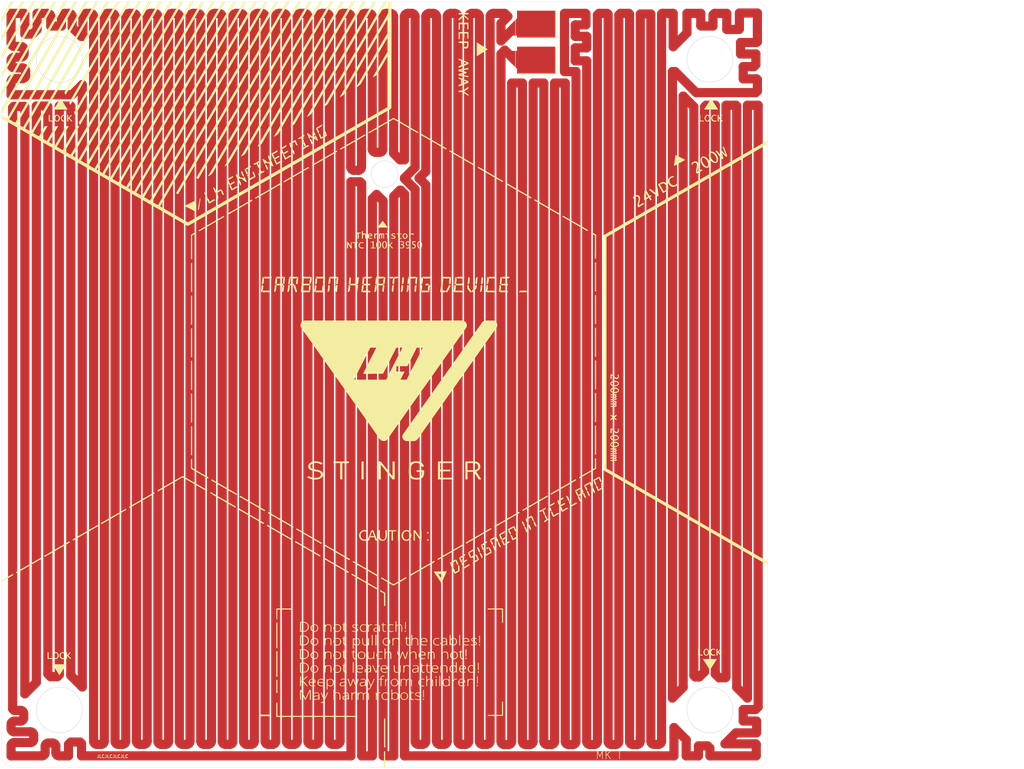
<source format=kicad_pcb>
(kicad_pcb (version 20221018) (generator pcbnew)
  (layers (0 "F.Cu" signal) (31 "B.Cu" signal) (36 "B.SilkS" user "B.Silkscreen") (37 "F.SilkS" user "F.Silkscreen") (38 "B.Mask" user) (39 "F.Mask" user) (44 "Edge.Cuts" user))
  (net 0 "")
  (net 1 "Net-(F1-Pad1)")
  (footprint "TestPoint:TestPoint_Pad_4.0x4.0mm" (layer "F.Cu") (at 179.6 45.8 -90)
    (fp_text reference "J1" hide)
    (fp_text value "Screw_Terminal_01x01" hide)
  )
  (footprint "TestPoint:TestPoint_Pad_4.0x4.0mm" (layer "F.Cu") (at 179.6 55.2 -90)
    (fp_text reference "J1" hide)
    (fp_text value "Screw_Terminal_01x01" hide)
  )
  (gr_poly (pts (xy 161.002613 184.284418) (xy 161.007291 184.284775) (xy 161.011903 184.285364) (xy 161.016444 184.286178) (xy 161.020908 184.287211) (xy 161.025289 184.288459) (xy 161.02958 184.289914) (xy 161.033776 184.291571) (xy 161.037871 184.293425) (xy 161.041859 184.295469) (xy 161.045734 184.297697) (xy 161.04949 184.300105) (xy 161.053121 184.302685) (xy 161.056621 184.305433) (xy 161.059984 184.308342) (xy 161.063204 184.311407) (xy 161.066276 184.314621) (xy 161.069192 184.317979) (xy 161.071947 184.321476) (xy 161.074536 184.325104) (xy 161.076952 184.328859) (xy 161.079189 184.332735) (xy 161.081242 184.336726) (xy 161.083103 184.340825) (xy 161.084769 184.345028) (xy 161.086231 184.349328) (xy 161.087485 184.353719) (xy 161.088524 184.358197) (xy 161.089343 184.362754) (xy 161.089935 184.367385) (xy 161.090295 184.372085) (xy 161.090416 184.376846) (xy 161.090374 184.379678) (xy 161.090248 184.38248) (xy 161.090038 184.385254) (xy 161.089745 184.388001) (xy 161.08937 184.390724) (xy 161.088913 184.393425) (xy 161.088374 184.396106) (xy 161.087753 184.398768) (xy 161.087052 184.401415) (xy 161.08627 184.404047) (xy 161.085409 184.406666) (xy 161.084468 184.409276) (xy 161.083448 184.411878) (xy 161.082349 184.414473) (xy 161.081172 184.417064) (xy 161.079918 184.419652) (xy 160.961123 184.646174) (xy 160.95744 184.652842) (xy 160.953537 184.659375) (xy 160.949419 184.665766) (xy 160.94509 184.672009) (xy 160.940554 184.678098) (xy 160.935817 184.684028) (xy 160.930881 184.689791) (xy 160.925751 184.695382) (xy 160.920432 184.700795) (xy 160.914927 184.706024) (xy 160.909242 184.711063) (xy 160.903379 184.715907) (xy 160.897345 184.720548) (xy 160.891142 184.724981) (xy 160.884775 184.7292) (xy 160.878248 184.733199) (xy 159.956996 185.263573) (xy 159.949586 185.267654) (xy 159.94222 185.271091) (xy 159.9349 185.273889) (xy 159.927624 185.276051) (xy 159.920393 185.277581) (xy 159.913206 185.278484) (xy 159.909629 185.278702) (xy 159.906063 185.278764) (xy 159.898964 185.278425) (xy 159.891909 185.277471) (xy 159.884897 185.275905) (xy 159.877928 185.273733) (xy 159.871002 185.270957) (xy 159.864119 185.267583) (xy 159.857279 185.263615) (xy 159.850481 185.259055) (xy 159.843725 185.253909) (xy 159.829049 185.24216) (xy 159.814385 185.231256) (xy 159.799733 185.221201) (xy 159.785093 185.211999) (xy 159.770466 185.203655) (xy 159.75585 185.196173) (xy 159.741245 185.189557) (xy 159.726652 185.183811) (xy 159.71207 185.178938) (xy 159.6975 185.174944) (xy 159.68294 185.171832) (xy 159.668391 185.169607) (xy 159.653852 185.168272) (xy 159.639323 185.167831) (xy 159.624805 185.168289) (xy 159.610297 185.169651) (xy 159.614702 185.154228) (xy 159.619266 185.139549) (xy 159.62399 185.125615) (xy 159.628873 185.112425) (xy 159.633916 185.099979) (xy 159.639121 185.088277) (xy 159.644486 185.07732) (xy 159.650013 185.067107) (xy 159.655701 185.057638) (xy 159.661552 185.048913) (xy 159.667566 185.040933) (xy 159.673743 185.033698) (xy 159.680083 185.027207) (xy 159.686587 185.02146) (xy 159.693256 185.016458) (xy 159.700089 185.012201) (xy 160.320907 184.66016) (xy 160.95146 184.296728) (xy 160.954123 184.295224) (xy 160.95683 184.293816) (xy 160.959577 184.292506) (xy 160.962363 184.291292) (xy 160.965184 184.290176) (xy 160.968038 184.289156) (xy 160.970923 184.288233) (xy 160.973836 184.287407) (xy 160.976776 184.286679) (xy 160.979739 184.286047) (xy 160.982723 184.285512) (xy 160.985726 184.285075) (xy 160.988745 184.284735) (xy 160.991778 184.284492) (xy 160.994823 184.284346) (xy 160.997877 184.284297)) (fill solid) (layer "F.SilkS"))
  (gr_poly (pts (xy 199.227861 151.432875) (xy 199.236302 151.433414) (xy 199.244666 151.434307) (xy 199.252948 151.435551) (xy 199.261142 151.437141) (xy 199.26924 151.439073) (xy 199.277238 151.441344) (xy 199.285128 151.443949) (xy 199.292905 151.446885) (xy 199.300563 151.450146) (xy 199.308096 151.45373) (xy 199.315498 151.457633) (xy 199.322761 151.461849) (xy 199.329882 151.466376) (xy 199.336852 151.471209) (xy 199.343667 151.476345) (xy 199.567181 151.655969) (xy 199.782025 151.831642) (xy 199.988325 152.003353) (xy 200.186204 152.171086) (xy 200.235301 152.210858) (xy 200.284082 152.245821) (xy 200.332398 152.276084) (xy 200.380103 152.301759) (xy 200.427051 152.322956) (xy 200.473093 152.339787) (xy 200.518085 152.352362) (xy 200.561877 152.360791) (xy 200.604324 152.365186) (xy 200.645278 152.365657) (xy 200.684594 152.362315) (xy 200.722122 152.355272) (xy 200.757718 152.344637) (xy 200.791233 152.330521) (xy 200.822521 152.313036) (xy 200.851435 152.292291) (xy 200.877828 152.268399) (xy 200.901553 152.241469) (xy 200.922463 152.211612) (xy 200.940411 152.17894) (xy 200.955251 152.143562) (xy 200.966834 152.105591) (xy 200.975015 152.065135) (xy 200.979647 152.022307) (xy 200.980582 151.977218) (xy 200.977674 151.929976) (xy 200.970775 151.880695) (xy 200.959738 151.829484) (xy 200.944418 151.776454) (xy 200.924666 151.721716) (xy 200.900336 151.665381) (xy 200.871282 151.60756) (xy 200.869687 151.604336) (xy 200.868269 151.601067) (xy 200.867026 151.597759) (xy 200.865957 151.594417) (xy 200.86506 151.591047) (xy 200.864333 151.587657) (xy 200.863775 151.584252) (xy 200.863385 151.580838) (xy 200.863161 151.577421) (xy 200.863101 151.574008) (xy 200.863203 151.570605) (xy 200.863468 151.567217) (xy 200.863892 151.563851) (xy 200.864474 151.560514) (xy 200.865213 151.55721) (xy 200.866108 151.553947) (xy 200.867156 151.550731) (xy 200.868356 151.547567) (xy 200.869707 151.544462) (xy 200.871208 151.541421) (xy 200.872856 151.538452) (xy 200.87465 151.535561) (xy 200.876588 151.532752) (xy 200.87867 151.530034) (xy 200.880894 151.52741) (xy 200.883257 151.524889) (xy 200.885759 151.522476) (xy 200.888398 151.520176) (xy 200.891172 151.517998) (xy 200.894081 151.515945) (xy 200.897122 151.514025) (xy 200.900294 151.512244) (xy 200.90832 151.508316) (xy 200.916349 151.50482) (xy 200.924383 151.501754) (xy 200.932423 151.499119) (xy 200.940471 151.496916) (xy 200.94853 151.495144) (xy 200.956601 151.493804) (xy 200.964687 151.492896) (xy 200.972789 151.492419) (xy 200.980909 151.492375) (xy 200.989049 151.492763) (xy 200.997212 151.493584) (xy 201.005399 151.494838) (xy 201.013612 151.496524) (xy 201.021854 151.498643) (xy 201.030125 151.501196) (xy 201.036259 151.503616) (xy 201.042234 151.506369) (xy 201.048051 151.509456) (xy 201.053713 151.512876) (xy 201.059221 151.516631) (xy 201.064578 151.520718) (xy 201.069785 151.525139) (xy 201.074845 151.529894) (xy 201.079758 151.534982) (xy 201.084528 151.540404) (xy 201.089156 151.546159) (xy 201.093644 151.552247) (xy 201.097994 151.558668) (xy 201.102207 151.565423) (xy 201.106287 151.572511) (xy 201.110234 151.579931) (xy 201.138629 151.643935) (xy 201.161762 151.708587) (xy 201.179782 151.773591) (xy 201.192843 151.838649) (xy 201.201094 151.903463) (xy 201.204687 151.967735) (xy 201.203773 152.031169) (xy 201.198504 152.093465) (xy 201.18903 152.154327) (xy 201.175504 152.213457) (xy 201.158075 152.270557) (xy 201.136896 152.325329) (xy 201.112118 152.377476) (xy 201.083892 152.426701) (xy 201.052368 152.472704) (xy 201.017699 152.51519) (xy 200.980036 152.553859) (xy 200.93953 152.588415) (xy 200.896331 152.61856) (xy 200.850592 152.643996) (xy 200.802463 152.664425) (xy 200.752096 152.67955) (xy 200.699642 152.689073) (xy 200.645253 152.692696) (xy 200.589079 152.690122) (xy 200.531271 152.681053) (xy 200.471982 152.665192) (xy 200.411361 152.64224) (xy 200.349561 152.6119) (xy 200.286733 152.573874) (xy 200.223027 152.527865) (xy 200.158596 152.473575) (xy 199.985031 152.319224) (xy 199.81017 152.166944) (xy 199.633757 152.016738) (xy 199.455534 151.868607) (xy 199.444957 151.860244) (xy 199.43472 151.852584) (xy 199.424821 151.845628) (xy 199.415262 151.839375) (xy 199.406042 151.833825) (xy 199.397161 151.82898) (xy 199.388618 151.824837) (xy 199.380413 151.821399) (xy 199.372546 151.818664) (xy 199.365016 151.816632) (xy 199.357824 151.815305) (xy 199.350969 151.814681) (xy 199.34445 151.814762) (xy 199.338269 151.815546) (xy 199.332423 151.817034) (xy 199.326914 151.819227) (xy 199.321741 151.822123) (xy 199.316903 151.825724) (xy 199.3124 151.830029) (xy 199.308233 151.835038) (xy 199.304401 151.840751) (xy 199.300903 151.847169) (xy 199.297739 151.854291) (xy 199.294909 151.862118) (xy 199.292414 151.870649) (xy 199.290252 151.879885) (xy 199.288423 151.889825) (xy 199.286927 151.90047) (xy 199.285764 151.91182) (xy 199.284934 151.923875) (xy 199.284436 151.936634) (xy 199.28427 151.950099) (xy 199.285653 152.60065) (xy 199.28541 152.60852) (xy 199.285105 152.612278) (xy 199.284679 152.615917) (xy 199.28413 152.619439) (xy 199.283458 152.622841) (xy 199.282663 152.626126) (xy 199.281745 152.629292) (xy 199.280704 152.63234) (xy 199.279539 152.63527) (xy 199.27825 152.638081) (xy 199.276836 152.640774) (xy 199.275299 152.643348) (xy 199.273636 152.645804) (xy 199.271849 152.648141) (xy 199.269937 152.650359) (xy 199.267899 152.65246) (xy 199.265735 152.654441) (xy 199.263446 152.656304) (xy 199.261031 152.658048) (xy 199.258489 152.659673) (xy 199.25582 152.66118) (xy 199.253025 152.662568) (xy 199.250102 152.663837) (xy 199.247052 152.664988) (xy 199.243875 152.666019) (xy 199.240569 152.666932) (xy 199.237136 152.667726) (xy 199.233574 152.668401) (xy 199.229884 152.668956) (xy 199.222116 152.669711) (xy 199.110228 152.679375) (xy 199.109654 152.679422) (xy 199.108984 152.679458) (xy 199.108248 152.679483) (xy 199.107479 152.6795) (xy 199.105971 152.679515) (xy 199.104715 152.679518) (xy 199.100471 152.679411) (xy 199.096288 152.679096) (xy 199.09217 152.678576) (xy 199.088123 152.677857) (xy 199.084151 152.676944) (xy 199.080259 152.675843) (xy 199.07645 152.674558) (xy 199.07273 152.673095) (xy 199.069103 152.671459) (xy 199.065573 152.669655) (xy 199.062146 152.667688) (xy 199.058825 152.665563) (xy 199.055616 152.663285) (xy 199.052523 152.660861) (xy 199.049549 152.658294) (xy 199.046701 152.655589) (xy 199.043982 152.652753) (xy 199.041398 152.649791) (xy 199.038951 152.646706) (xy 199.036648 152.643506) (xy 199.034493 152.640194) (xy 199.03249 152.636776) (xy 199.030643 152.633256) (xy 199.028958 152.629642) (xy 199.027439 152.625936) (xy 199.02609 152.622145) (xy 199.024916 152.618274) (xy 199.023921 152.614328) (xy 199.023111 152.610311) (xy 199.022489 152.60623) (xy 199.02206 152.602089) (xy 199.021829 152.597894) (xy 199.020476 151.632411) (xy 199.020476 151.631587) (xy 199.020737 151.621417) (xy 199.021511 151.611373) (xy 199.022785 151.601468) (xy 199.024546 151.591715) (xy 199.026782 151.582126) (xy 199.029479 151.572716) (xy 199.032624 151.563496) (xy 199.036205 151.55448) (xy 199.040209 151.54568) (xy 199.044623 151.537109) (xy 199.049434 151.528781) (xy 199.054629 151.520708) (xy 199.060195 151.512903) (xy 199.06612 151.505378) (xy 199.07239 151.498148) (xy 199.078993 151.491225) (xy 199.085915 151.484621) (xy 199.093144 151.47835) (xy 199.100667 151.472424) (xy 199.108471 151.466856) (xy 199.116543 151.46166) (xy 199.124871 151.456848) (xy 199.133441 151.452433) (xy 199.14224 151.448428) (xy 199.151256 151.444846) (xy 199.160475 151.441699) (xy 199.169886 151.439002) (xy 199.179474 151.436766) (xy 199.189227 151.435004) (xy 199.199133 151.43373) (xy 199.209178 151.432956) (xy 199.219349 151.432695)) (fill solid) (layer "F.SilkS"))
  (gr_poly (pts (xy 119.79545 216.217943) (xy 119.798254 216.218141) (xy 119.801018 216.218473) (xy 119.80374 216.218937) (xy 119.806416 216.219528) (xy 119.809042 216.220243) (xy 119.811615 216.221079) (xy 119.814133 216.222034) (xy 119.816592 216.223103) (xy 119.818988 216.224283) (xy 119.821319 216.225571) (xy 119.823581 216.226964) (xy 119.825771 216.228458) (xy 119.827886 216.230051) (xy 119.829922 216.231738) (xy 119.831877 216.233517) (xy 119.833747 216.235384) (xy 119.835528 216.237336) (xy 119.837218 216.23937) (xy 119.838813 216.241482) (xy 119.840311 216.24367) (xy 119.841707 216.245929) (xy 119.842998 216.248257) (xy 119.844183 216.25065) (xy 119.845256 216.253105) (xy 119.846215 216.255619) (xy 119.847056 216.258188) (xy 119.847778 216.26081) (xy 119.848375 216.26348) (xy 119.848845 216.266196) (xy 119.849185 216.268954) (xy 119.849391 216.271751) (xy 119.849461 216.274584) (xy 119.849385 216.277429) (xy 119.849159 216.280268) (xy 119.848785 216.283096) (xy 119.848265 216.285906) (xy 119.847601 216.288692) (xy 119.846795 216.291448) (xy 119.845849 216.294168) (xy 119.844765 216.296846) (xy 119.843545 216.299476) (xy 119.84219 216.302052) (xy 119.840704 216.304567) (xy 119.839088 216.307016) (xy 119.837344 216.309393) (xy 119.835474 216.311691) (xy 119.83348 216.313904) (xy 119.831364 216.316026) (xy 118.751253 217.277328) (xy 118.748547 217.27985) (xy 118.745998 217.282486) (xy 118.743606 217.28523) (xy 118.741371 217.288074) (xy 118.739294 217.291013) (xy 118.737375 217.294039) (xy 118.735615 217.297145) (xy 118.734014 217.300324) (xy 118.732572 217.30357) (xy 118.73129 217.306876) (xy 118.730168 217.310235) (xy 118.729207 217.31364) (xy 118.728407 217.317084) (xy 118.727768 217.320561) (xy 118.727291 217.324064) (xy 118.726977 217.327585) (xy 118.726825 217.331119) (xy 118.726836 217.334657) (xy 118.727011 217.338194) (xy 118.727349 217.341723) (xy 118.727852 217.345236) (xy 118.72852 217.348728) (xy 118.729353 217.35219) (xy 118.730351 217.355617) (xy 118.731515 217.359001) (xy 118.732846 217.362335) (xy 118.734343 217.365614) (xy 118.736008 217.368829) (xy 118.73784 217.371975) (xy 118.73984 217.375044) (xy 118.742008 217.378029) (xy 118.744346 217.380925) (xy 119.864506 218.698609) (xy 119.868084 218.702853) (xy 119.871384 218.70704) (xy 119.874405 218.71117) (xy 119.877148 218.715241) (xy 119.879612 218.719253) (xy 119.881798 218.723207) (xy 119.883706 218.7271) (xy 119.885336 218.730934) (xy 119.886687 218.734707) (xy 119.88776 218.738419) (xy 119.888555 218.742069) (xy 119.889071 218.745657) (xy 119.88931 218.749182) (xy 119.88927 218.752644) (xy 119.888952 218.756043) (xy 119.888356 218.759377) (xy 119.887483 218.762647) (xy 119.886331 218.765851) (xy 119.884901 218.76899) (xy 119.883193 218.772063) (xy 119.881208 218.775069) (xy 119.878944 218.778008) (xy 119.876403 218.780879) (xy 119.873584 218.783682) (xy 119.870487 218.786416) (xy 119.867112 218.789081) (xy 119.86346 218.791676) (xy 119.85953 218.794201) (xy 119.855322 218.796656) (xy 119.850836 218.799039) (xy 119.846073 218.80135) (xy 119.841033 218.803589) (xy 119.834637 218.806322) (xy 119.828244 218.808828) (xy 119.821854 218.811108) (xy 119.815466 218.813161) (xy 119.80908 218.814988) (xy 119.802694 218.816589) (xy 119.79631 218.817964) (xy 119.789926 218.819113) (xy 119.783542 218.820035) (xy 119.777158 218.820732) (xy 119.770773 218.821203) (xy 119.764386 218.821448) (xy 119.757998 218.821467) (xy 119.751608 218.821261) (xy 119.745215 218.820828) (xy 119.738819 218.820171) (xy 119.732952 218.819474) (xy 119.727108 218.818423) (xy 119.721286 218.81702) (xy 119.715486 218.815267) (xy 119.709709 218.813166) (xy 119.703955 218.810719) (xy 119.698224 218.807928) (xy 119.692515 218.804795) (xy 119.686829 218.801322) (xy 119.681165 218.797511) (xy 119.675525 218.793364) (xy 119.669907 218.788883) (xy 119.664312 218.78407) (xy 119.65874 218.778927) (xy 119.65319 218.773456) (xy 119.647664 218.76766) (xy 119.511616 218.619849) (xy 119.376952 218.470632) (xy 119.24367 218.320023) (xy 119.111769 218.16804) (xy 118.981246 218.014697) (xy 118.852101 217.860011) (xy 118.724332 217.703999) (xy 118.597938 217.546675) (xy 118.595069 217.54326) (xy 118.59216 217.540007) (xy 118.58921 217.536915) (xy 118.58622 217.533986) (xy 118.583189 217.531218) (xy 118.580118 217.528612) (xy 118.577006 217.526168) (xy 118.573854 217.523886) (xy 118.570661 217.521766) (xy 118.567428 217.519807) (xy 118.564155 217.518011) (xy 118.560841 217.516376) (xy 118.557486 217.514903) (xy 118.554091 217.513592) (xy 118.550656 217.512443) (xy 118.54718 217.511456) (xy 118.543663 217.51063) (xy 118.540106 217.509966) (xy 118.536509 217.509464) (xy 118.532871 217.509124) (xy 118.529193 217.508946) (xy 118.525474 217.508929) (xy 118.521715 217.509075) (xy 118.517915 217.509382) (xy 118.514075 217.509851) (xy 118.510194 217.510482) (xy 118.506273 217.511274) (xy 118.502312 217.512228) (xy 118.49831 217.513344) (xy 118.494267 217.514622) (xy 118.490184 217.516062) (xy 118.486061 217.517663) (xy 118.440985 217.537302) (xy 118.399663 217.559115) (xy 118.361941 217.583001) (xy 118.327663 217.608861) (xy 118.296675 217.636594) (xy 118.268822 217.666101) (xy 118.24395 217.697281) (xy 118.221903 217.730033) (xy 118.202526 217.764259) (xy 118.185666 217.799857) (xy 118.171166 217.836728) (xy 118.158873 217.874771) (xy 118.148632 217.913886) (xy 118.140287 217.953974) (xy 118.133685 217.994933) (xy 118.12867 218.036664) (xy 118.122782 218.122041) (xy 118.121385 218.209304) (xy 118.123242 218.29765) (xy 118.127114 218.386279) (xy 118.13595 218.561181) (xy 118.138438 218.645852) (xy 118.137988 218.727601) (xy 118.137834 218.731805) (xy 118.137551 218.735871) (xy 118.13714 218.739801) (xy 118.136599 218.743594) (xy 118.135929 218.74725) (xy 118.135131 218.75077) (xy 118.134203 218.754155) (xy 118.133146 218.757403) (xy 118.13196 218.760516) (xy 118.130645 218.763494) (xy 118.129201 218.766337) (xy 118.127627 218.769045) (xy 118.125924 218.771618) (xy 118.124092 218.774058) (xy 118.12213 218.776363) (xy 118.120039 218.778535) (xy 118.117818 218.780573) (xy 118.115468 218.782477) (xy 118.112988 218.784249) (xy 118.110378 218.785888) (xy 118.107639 218.787395) (xy 118.10477 218.788769) (xy 118.101771 218.790011) (xy 118.098642 218.791121) (xy 118.095384 218.7921) (xy 118.091995 218.792947) (xy 118.088476 218.793664) (xy 118.084828 218.794249) (xy 118.081049 218.794704) (xy 118.07714 218.795029) (xy 118.068932 218.795289) (xy 117.979155 218.795289) (xy 117.967946 218.794932) (xy 117.962617 218.794487) (xy 117.957472 218.793864) (xy 117.95251 218.793063) (xy 117.947733 218.792083) (xy 117.943139 218.790925) (xy 117.938728 218.78959) (xy 117.934502 218.788076) (xy 117.930459 218.786384) (xy 117.9266 218.784515) (xy 117.922925 218.782467) (xy 117.919433 218.780241) (xy 117.916125 218.777837) (xy 117.913001 218.775255) (xy 117.910061 218.772495) (xy 117.907304 218.769557) (xy 117.904731 218.76644) (xy 117.902341 218.763146) (xy 117.900136 218.759674) (xy 117.898114 218.756024) (xy 117.896275 218.752196) (xy 117.894621 218.748189) (xy 117.89315 218.744005) (xy 117.891863 218.739643) (xy 117.890759 218.735102) (xy 117.889839 218.730384) (xy 117.889103 218.725488) (xy 117.88855 218.720414) (xy 117.888181 218.715161) (xy 117.887996 218.709731) (xy 117.887994 218.704123) (xy 117.896279 216.333971) (xy 117.896369 216.329456) (xy 117.896661 216.324979) (xy 117.897151 216.320545) (xy 117.897836 216.316159) (xy 117.89871 216.311826) (xy 117.89977 216.307553) (xy 117.901012 216.303343) (xy 117.902432 216.299203) (xy 117.904025 216.295138) (xy 117.905788 216.291154) (xy 117.907716 216.287254) (xy 117.909806 216.283446) (xy 117.912052 216.279733) (xy 117.914452 216.276122) (xy 117.917001 216.272618) (xy 117.919695 216.269225) (xy 117.922529 216.26595) (xy 117.9255 216.262798) (xy 117.928604 216.259774) (xy 117.931837 216.256883) (xy 117.935193 216.254131) (xy 117.93867 216.251522) (xy 117.942264 216.249063) (xy 117.945969 216.246758) (xy 117.949782 216.244614) (xy 117.953699 216.242634) (xy 117.957716 216.240825) (xy 117.961829 216.239192) (xy 117.966033 216.23774) (xy 117.970325 216.236475) (xy 117.9747 216.235401) (xy 117.979155 216.234524) (xy 118.048216 216.222094) (xy 118.04915 216.22185) (xy 118.050087 216.221637) (xy 118.051028 216.221452) (xy 118.05197 216.221294) (xy 118.052915 216.22116) (xy 118.053863 216.221048) (xy 118.055763 216.220883) (xy 118.057669 216.220783) (xy 118.05958 216.220732) (xy 118.063409 216.22071) (xy 118.067296 216.22081) (xy 118.071136 216.221108) (xy 118.074921 216.221598) (xy 118.078649 216.222275) (xy 118.082313 216.223134) (xy 118.085908 216.22417) (xy 118.089431 216.225377) (xy 118.092875 216.226752) (xy 118.096237 216.228289) (xy 118.09951 216.229983) (xy 118.102691 216.231828) (xy 118.105774 216.23382) (xy 118.108755 216.235953) (xy 118.111628 216.238223) (xy 118.114389 216.240625) (xy 118.117032 216.243153) (xy 118.119553 216.245803) (xy 118.121948 216.248569) (xy 118.12421 216.251446) (xy 118.126335 216.254429) (xy 118.128318 216.257514) (xy 118.130155 216.260695) (xy 118.13184 216.263967) (xy 118.133368 216.267325) (xy 118.134735 216.270764) (xy 118.135936 216.274278) (xy 118.136965 216.277864) (xy 118.137819 216.281516) (xy 118.138491 216.285228) (xy 118.138977 216.288996) (xy 118.139272 216.292814) (xy 118.139372 216.296678) (xy 118.140755 217.382308) (xy 118.140852 217.39001) (xy 118.141144 217.397315) (xy 118.141629 217.404223) (xy 118.142309 217.410735) (xy 118.143183 217.41685) (xy 118.144251 217.422568) (xy 118.145514 217.42789) (xy 118.14697 217.432815) (xy 118.148621 217.437343) (xy 118.150467 217.441475) (xy 118.152506 217.44521) (xy 118.15474 217.448548) (xy 118.157168 217.45149) (xy 118.15979 217.454035) (xy 118.162606 217.456184) (xy 118.165617 217.457935) (xy 118.168822 217.459291) (xy 118.172221 217.460249) (xy 118.175814 217.460811) (xy 118.179602 217.460977) (xy 118.183584 217.460746) (xy 118.18776 217.460118) (xy 118.19213 217.459094) (xy 118.196695 217.457673) (xy 118.201454 217.455856) (xy 118.206407 217.453642) (xy 118.211555 217.451031) (xy 118.216897 217.448024) (xy 118.222433 217.444621) (xy 118.228163 217.440821) (xy 118.234088 217.436624) (xy 118.240207 217.432031) (xy 118.424981 217.286618) (xy 118.599435 217.145606) (xy 118.763568 217.008995) (xy 118.91738 216.876786) (xy 119.060872 216.748978) (xy 119.194044 216.625574) (xy 119.316896 216.506572) (xy 119.429428 216.391974) (xy 119.451422 216.369687) (xy 119.473532 216.348921) (xy 119.49576 216.329676) (xy 119.518104 216.311953) (xy 119.540566 216.295752) (xy 119.563146 216.281072) (xy 119.585843 216.267913) (xy 119.608658 216.256276) (xy 119.631592 216.24616) (xy 119.654644 216.237565) (xy 119.677814 216.230492) (xy 119.701103 216.22494) (xy 119.724511 216.220909) (xy 119.748038 216.218399) (xy 119.771684 216.217411)) (fill solid) (layer "F.SilkS"))
  (gr_poly (pts (xy 120.438108 114.045835) (xy 118.626024 114.061649) (xy 118.622408 113.647302) (xy 120.434491 113.631489)) (fill solid) (layer "F.SilkS"))
  (gr_poly (pts (xy 125.255387 66.457141) (xy 125.227814 66.503583) (xy 125.199635 66.548643) (xy 125.170852 66.592322) (xy 125.141462 66.634619) (xy 125.111468 66.675534) (xy 125.080868 66.715068) (xy 125.049663 66.753222) (xy 125.017852 66.789994) (xy 124.985436 66.825386) (xy 124.952415 66.859397) (xy 124.918789 66.892028) (xy 124.884557 66.923279) (xy 124.84972 66.95315) (xy 124.814278 66.981642) (xy 124.778231 67.008753) (xy 124.741579 67.034486) (xy 124.658207 67.09007) (xy 124.573839 67.144219) (xy 124.488477 67.196938) (xy 124.402124 67.248229) (xy 124.31478 67.298095) (xy 124.226447 67.346541) (xy 124.137128 67.393568) (xy 124.046823 67.439181) (xy 124.034996 67.44483) (xy 124.024377 67.449346) (xy 124.019521 67.451179) (xy 124.014967 67.452729) (xy 124.010714 67.453995) (xy 124.006764 67.454979) (xy 124.003115 67.455679) (xy 123.999769 67.456095) (xy 123.996725 67.456229) (xy 123.993983 67.456079) (xy 123.991543 67.455646) (xy 123.989405 67.45493) (xy 123.987569 67.45393) (xy 123.986036 67.452648) (xy 123.984805 67.451081) (xy 123.983876 67.449232) (xy 123.98325 67.4471) (xy 123.982925 67.444684) (xy 123.982903 67.441985) (xy 123.983184 67.439002) (xy 123.983767 67.435737) (xy 123.984652 67.432188) (xy 123.98584 67.428356) (xy 123.98733 67.424241) (xy 123.989122 67.419842) (xy 123.991217 67.41516) (xy 123.996315 67.404947) (xy 124.002623 67.393601) (xy 139.81752 40) (xy 140.531599 40)) (fill solid) (layer "F.SilkS"))
  (gr_poly (pts (xy 89.694669 158.422464) (xy 89.385278 158.422464) (xy 89.385278 150.867226) (xy 89.694669 150.867226)) (fill solid) (layer "F.SilkS"))
  (gr_poly (pts (xy 120.537725 113.970014) (xy 120.541534 113.970411) (xy 120.545216 113.971075) (xy 120.548771 113.972007) (xy 120.552199 113.973205) (xy 120.5555 113.974671) (xy 120.558673 113.976404) (xy 120.56172 113.978404) (xy 120.564639 113.980671) (xy 120.567432 113.983204) (xy 120.570097 113.986005) (xy 120.572635 113.989073) (xy 120.575046 113.992407) (xy 120.57733 113.996008) (xy 120.579487 113.999876) (xy 120.581517 114.00401) (xy 120.583419 114.008411) (xy 120.585195 114.013078) (xy 120.586843 114.018012) (xy 120.588364 114.023212) (xy 120.589759 114.028679) (xy 120.591026 114.034412) (xy 120.608263 114.12525) (xy 120.623043 114.216118) (xy 120.635364 114.307016) (xy 120.645228 114.397944) (xy 120.652632 114.488903) (xy 120.657577 114.579893) (xy 120.660063 114.670915) (xy 120.660089 114.761968) (xy 120.657655 114.853054) (xy 120.65276 114.944172) (xy 120.645405 115.035324) (xy 120.635587 115.126509) (xy 120.623309 115.217728) (xy 120.608568 115.308981) (xy 120.591364 115.400269) (xy 120.571698 115.491592) (xy 120.570524 115.49655) (xy 120.569256 115.501247) (xy 120.567894 115.505682) (xy 120.566438 115.509856) (xy 120.564888 115.513768) (xy 120.563244 115.51742) (xy 120.561507 115.520809) (xy 120.559675 115.523938) (xy 120.557749 115.526804) (xy 120.555729 115.52941) (xy 120.553615 115.531754) (xy 120.551407 115.533837) (xy 120.549104 115.535658) (xy 120.546708 115.537218) (xy 120.544217 115.538517) (xy 120.541632 115.539554) (xy 120.538953 115.54033) (xy 120.536179 115.540844) (xy 120.533311 115.541097) (xy 120.530349 115.541089) (xy 120.527292 115.540819) (xy 120.524141 115.540288) (xy 120.520896 115.539495) (xy 120.517556 115.538441) (xy 120.514122 115.537126) (xy 120.510593 115.535549) (xy 120.50697 115.533711) (xy 120.503252 115.531611) (xy 120.499439 115.52925) (xy 120.495532 115.526628) (xy 120.49153 115.523744) (xy 120.487434 115.520599) (xy 120.234678 115.317556) (xy 120.227178 115.311222) (xy 120.220218 115.304652) (xy 120.213799 115.297846) (xy 120.20792 115.290802) (xy 120.202581 115.283521) (xy 120.197782 115.276003) (xy 120.193523 115.268247) (xy 120.189803 115.260253) (xy 120.186622 115.252022) (xy 120.183979 115.243552) (xy 120.181876 115.234843) (xy 120.180311 115.225897) (xy 120.179284 115.216711) (xy 120.178795 115.207286) (xy 120.178844 115.197622) (xy 120.179431 115.187719) (xy 120.188531 115.053483) (xy 120.197064 114.890759) (xy 120.209514 114.711461) (xy 120.218608 114.61932) (xy 120.230364 114.527502) (xy 120.24534 114.437497) (xy 120.264097 114.350794) (xy 120.287196 114.268882) (xy 120.315198 114.19325) (xy 120.331212 114.158254) (xy 120.348662 114.125387) (xy 120.367617 114.094835) (xy 120.388149 114.066783) (xy 120.410326 114.041418) (xy 120.43422 114.018926) (xy 120.459899 113.999493) (xy 120.487434 113.983305) (xy 120.492641 113.980758) (xy 120.497722 113.978479) (xy 120.502675 113.976468) (xy 120.507501 113.974725) (xy 120.5122 113.973249) (xy 120.516772 113.972041) (xy 120.521217 113.971101) (xy 120.525534 113.970428) (xy 120.529725 113.970023) (xy 120.533788 113.969885)) (fill solid) (layer "F.SilkS"))
  (gr_poly (pts (xy 138.100836 202.635133) (xy 138.156985 202.639541) (xy 138.212032 202.64666) (xy 138.26574 202.656608) (xy 138.31787 202.669501) (xy 138.368184 202.685457) (xy 138.416443 202.704593) (xy 138.462409 202.727026) (xy 138.505843 202.752873) (xy 138.546506 202.782251) (xy 138.584161 202.815277) (xy 138.618568 202.852068) (xy 138.64949 202.892742) (xy 138.676687 202.937415) (xy 138.699921 202.986205) (xy 138.718954 203.039229) (xy 138.733548 203.096603) (xy 138.743463 203.158445) (xy 138.748461 203.224873) (xy 138.757891 203.541602) (xy 138.764019 203.864031) (xy 138.766856 204.192159) (xy 138.766416 204.525986) (xy 138.766291 204.528818) (xy 138.766069 204.531617) (xy 138.76575 204.534384) (xy 138.765335 204.537119) (xy 138.764825 204.539822) (xy 138.764219 204.542492) (xy 138.763518 204.54513) (xy 138.762723 204.547735) (xy 138.761834 204.550308) (xy 138.760852 204.552849) (xy 138.759776 204.555357) (xy 138.758608 204.557832) (xy 138.757348 204.560275) (xy 138.755996 204.562686) (xy 138.754553 204.565064) (xy 138.753018 204.567409) (xy 138.750748 204.570573) (xy 138.748347 204.573589) (xy 138.74582 204.576457) (xy 138.743176 204.579175) (xy 138.74042 204.581741) (xy 138.737559 204.584154) (xy 138.734601 204.586413) (xy 138.731552 204.588515) (xy 138.728418 204.590459) (xy 138.725206 204.592244) (xy 138.721924 204.593869) (xy 138.718578 204.595331) (xy 138.715175 204.596629) (xy 138.711721 204.597762) (xy 138.708223 204.598727) (xy 138.704688 204.599525) (xy 138.701122 204.600152) (xy 138.697534 204.600608) (xy 138.693928 204.600891) (xy 138.690312 204.600999) (xy 138.686693 204.600932) (xy 138.683078 204.600686) (xy 138.679472 204.600262) (xy 138.675884 204.599657) (xy 138.672319 204.59887) (xy 138.668785 204.597899) (xy 138.665288 204.596742) (xy 138.661835 204.5954) (xy 138.658433 204.593868) (xy 138.655088 204.592148) (xy 138.651807 204.590235) (xy 138.648598 204.58813) (xy 138.646325 204.586531) (xy 138.644119 204.584838) (xy 138.641982 204.583056) (xy 138.639916 204.581188) (xy 138.637923 204.579238) (xy 138.636005 204.577211) (xy 138.634164 204.575111) (xy 138.632402 204.572941) (xy 138.630721 204.570707) (xy 138.629123 204.568412) (xy 138.627609 204.56606) (xy 138.626183 204.563656) (xy 138.624846 204.561203) (xy 138.623599 204.558706) (xy 138.622445 204.556168) (xy 138.621386 204.553595) (xy 138.550942 204.376796) (xy 138.549188 204.372509) (xy 138.547368 204.368447) (xy 138.545483 204.364613) (xy 138.543532 204.361006) (xy 138.541516 204.357626) (xy 138.539434 204.354475) (xy 138.537287 204.351551) (xy 138.535075 204.348855) (xy 138.532798 204.346388) (xy 138.530455 204.34415) (xy 138.528048 204.342141) (xy 138.525575 204.340361) (xy 138.523038 204.338811) (xy 138.520435 204.337491) (xy 138.517768 204.336401) (xy 138.515035 204.335541) (xy 138.512238 204.334911) (xy 138.509376 204.334513) (xy 138.50645 204.334346) (xy 138.503459 204.33441) (xy 138.500403 204.334706) (xy 138.497283 204.335234) (xy 138.494098 204.335994) (xy 138.490849 204.336987) (xy 138.487535 204.338212) (xy 138.484158 204.339671) (xy 138.480716 204.341362) (xy 138.477209 204.343287) (xy 138.473639 204.345446) (xy 138.470004 204.347839) (xy 138.466305 204.350467) (xy 138.462543 204.353329) (xy 138.413036 204.391123) (xy 138.362924 204.425779) (xy 138.312207 204.457299) (xy 138.260885 204.485685) (xy 138.208959 204.510939) (xy 138.156427 204.533064) (xy 138.103292 204.55206) (xy 138.049552 204.56793) (xy 137.995208 204.580676) (xy 137.940261 204.590301) (xy 137.88471 204.596805) (xy 137.828556 204.600191) (xy 137.771799 204.600462) (xy 137.714439 204.597618) (xy 137.656476 204.591662) (xy 137.597911 204.582596) (xy 137.560697 204.575007) (xy 137.524216 204.565741) (xy 137.488552 204.55485) (xy 137.453792 204.54239) (xy 137.42002 204.528414) (xy 137.387322 204.512977) (xy 137.355783 204.496133) (xy 137.325487 204.477935) (xy 137.296521 204.458439) (xy 137.268969 204.437698) (xy 137.242918 204.415766) (xy 137.218451 204.392697) (xy 137.195654 204.368546) (xy 137.174613 204.343366) (xy 137.155412 204.317212) (xy 137.138138 204.290138) (xy 137.122874 204.262198) (xy 137.109707 204.233446) (xy 137.098722 204.203937) (xy 137.090003 204.173723) (xy 137.083637 204.14286) (xy 137.079707 204.111402) (xy 137.078867 204.092282) (xy 137.321666 204.092282) (xy 137.327152 204.142046) (xy 137.339413 204.187991) (xy 137.35798 204.230091) (xy 137.382384 204.268324) (xy 137.412156 204.302665) (xy 137.446829 204.333091) (xy 137.485933 204.359576) (xy 137.529 204.382098) (xy 137.575561 204.400632) (xy 137.625147 204.415153) (xy 137.67729 204.425639) (xy 137.731522 204.432065) (xy 137.787373 204.434407) (xy 137.844375 204.432641) (xy 137.902059 204.426743) (xy 137.959958 204.416689) (xy 138.017601 204.402455) (xy 138.074521 204.384017) (xy 138.130248 204.361351) (xy 138.184315 204.334433) (xy 138.236252 204.303238) (xy 138.285591 204.267744) (xy 138.331863 204.227925) (xy 138.3746 204.183759) (xy 138.413333 204.13522) (xy 138.447594 204.082284) (xy 138.476913 204.024929) (xy 138.500822 203.963129) (xy 138.518853 203.896861) (xy 138.530536 203.826101) (xy 138.535404 203.750825) (xy 138.532987 203.671008) (xy 138.532058 203.663223) (xy 138.531419 203.659514) (xy 138.530665 203.655928) (xy 138.529795 203.652466) (xy 138.528809 203.649127) (xy 138.527707 203.645912) (xy 138.526489 203.642823) (xy 138.525156 203.639859) (xy 138.523707 203.637021) (xy 138.522142 203.634309) (xy 138.520461 203.631725) (xy 138.518665 203.629267) (xy 138.516753 203.626938) (xy 138.514725 203.624737) (xy 138.512581 203.622666) (xy 138.510322 203.620724) (xy 138.507947 203.618912) (xy 138.505456 203.61723) (xy 138.502849 203.615679) (xy 138.500127 203.61426) (xy 138.497289 203.612974) (xy 138.494335 203.611819) (xy 138.491265 203.610798) (xy 138.48808 203.60991) (xy 138.484779 203.609157) (xy 138.481362 203.608538) (xy 138.47783 203.608054) (xy 138.474181 203.607706) (xy 138.470418 203.607494) (xy 138.466538 203.607419) (xy 138.462543 203.607481) (xy 138.312852 203.610518) (xy 138.134917 203.618349) (xy 138.040087 203.625883) (xy 137.943871 203.6368) (xy 137.848161 203.651829) (xy 137.754848 203.671697) (xy 137.665825 203.697134) (xy 137.582982 203.728868) (xy 137.54447 203.747323) (xy 137.508213 203.767626) (xy 137.474446 203.789867) (xy 137.443407 203.814138) (xy 137.415333 203.840529) (xy 137.390458 203.869131) (xy 137.369021 203.900035) (xy 137.351257 203.933334) (xy 137.337404 203.969116) (xy 137.327696 204.007474) (xy 137.322372 204.048499) (xy 137.321666 204.092282) (xy 137.078867 204.092282) (xy 137.078301 204.079402) (xy 137.079502 204.046915) (xy 137.083396 204.013996) (xy 137.090068 203.980697) (xy 137.099604 203.947073) (xy 137.112088 203.913179) (xy 137.127607 203.879068) (xy 137.146244 203.844795) (xy 137.168086 203.810414) (xy 137.193218 203.775978) (xy 137.217313 203.747183) (xy 137.243675 203.720072) (xy 137.272176 203.694599) (xy 137.302687 203.670716) (xy 137.33508 203.648376) (xy 137.369226 203.627531) (xy 137.404997 203.608135) (xy 137.442264 203.590139) (xy 137.520772 203.558162) (xy 137.603724 203.531221) (xy 137.690092 203.508937) (xy 137.778846 203.490933) (xy 137.868961 203.47683) (xy 137.959407 203.466249) (xy 138.049158 203.458812) (xy 138.137185 203.454141) (xy 138.222459 203.451857) (xy 138.303955 203.451582) (xy 138.451495 203.455544) (xy 138.459067 203.455561) (xy 138.46624 203.455091) (xy 138.469677 203.454674) (xy 138.473014 203.454136) (xy 138.476252 203.453476) (xy 138.47939 203.452695) (xy 138.482428 203.451792) (xy 138.485366 203.450768) (xy 138.488205 203.449623) (xy 138.490943 203.448356) (xy 138.493582 203.446967) (xy 138.496121 203.445457) (xy 138.498559 203.443826) (xy 138.500898 203.442073) (xy 138.503137 203.440199) (xy 138.505276 203.438204) (xy 138.507314 203.436087) (xy 138.509253 203.433848) (xy 138.511091 203.431489) (xy 138.51283 203.429008) (xy 138.514468 203.426405) (xy 138.516006 203.423681) (xy 138.517443 203.420836) (xy 138.51878 203.417869) (xy 138.520017 203.414781) (xy 138.521154 203.411572) (xy 138.523126 203.404789) (xy 138.524697 203.39752) (xy 138.534773 203.330956) (xy 138.539519 203.269196) (xy 138.539175 203.212092) (xy 138.533979 203.159497) (xy 138.52417 203.111262) (xy 138.509987 203.067238) (xy 138.491668 203.027279) (xy 138.469452 202.991234) (xy 138.443578 202.958957) (xy 138.414284 202.930299) (xy 138.38181 202.905112) (xy 138.346395 202.883247) (xy 138.308276 202.864557) (xy 138.267692 202.848893) (xy 138.224884 202.836107) (xy 138.180088 202.826051) (xy 138.133544 202.818576) (xy 138.085491 202.813535) (xy 138.036168 202.810779) (xy 137.985812 202.81016) (xy 137.934664 202.81153) (xy 137.882961 202.814741) (xy 137.778847 202.826091) (xy 137.675381 202.843025) (xy 137.574473 202.864358) (xy 137.478033 202.888903) (xy 137.387971 202.915476) (xy 137.383888 202.916809) (xy 137.379926 202.917955) (xy 137.376086 202.918916) (xy 137.372367 202.919692) (xy 137.368769 202.920282) (xy 137.365293 202.920687) (xy 137.361938 202.920907) (xy 137.358705 202.920943) (xy 137.355593 202.920795) (xy 137.352602 202.920463) (xy 137.349733 202.919947) (xy 137.346985 202.919248) (xy 137.344358 202.918366) (xy 137.341853 202.9173) (xy 137.33947 202.916052) (xy 137.337207 202.914622) (xy 137.335066 202.913009) (xy 137.333047 202.911214) (xy 137.331149 202.909238) (xy 137.329372 202.907081) (xy 137.327717 202.904742) (xy 137.326184 202.902223) (xy 137.324771 202.899523) (xy 137.32348 202.896642) (xy 137.322311 202.893581) (xy 137.321263 202.890341) (xy 137.320337 202.886921) (xy 137.319532 202.883322) (xy 137.318848 202.879543) (xy 137.318286 202.875586) (xy 137.317845 202.87145) (xy 137.317526 202.867136) (xy 137.316143 202.821553) (xy 137.316038 202.819014) (xy 137.316085 202.816571) (xy 137.316284 202.814225) (xy 137.316636 202.811976) (xy 137.31714 202.809825) (xy 137.317797 202.80777) (xy 137.318605 202.805812) (xy 137.319566 202.803951) (xy 137.320678 202.802187) (xy 137.321943 202.80052) (xy 137.32336 202.79895) (xy 137.324929 202.797477) (xy 137.32665 202.7961) (xy 137.328522 202.79482) (xy 137.330547 202.793638) (xy 137.332724 202.792552) (xy 137.428 202.751109) (xy 137.531274 202.714424) (xy 137.640638 202.683432) (xy 137.754184 202.65907) (xy 137.870004 202.642275) (xy 137.986191 202.633984)) (fill solid) (layer "F.SilkS"))
  (gr_poly (pts (xy 118.863125 209.125411) (xy 118.863684 209.125411) (xy 118.931757 209.127313) (xy 118.99897 209.132191) (xy 119.065237 209.139969) (xy 119.130472 209.150572) (xy 119.19459 209.163925) (xy 119.257504 209.179951) (xy 119.319129 209.198577) (xy 119.379377 209.219726) (xy 119.438165 209.243323) (xy 119.495404 209.269293) (xy 119.551011 209.297561) (xy 119.604897 209.32805) (xy 119.656978 209.360686) (xy 119.707168 209.395394) (xy 119.755379 209.432097) (xy 119.801528 209.470721) (xy 119.845527 209.51119) (xy 119.88729 209.553429) (xy 119.926732 209.597362) (xy 119.963766 209.642915) (xy 119.998307 209.690011) (xy 120.030269 209.738575) (xy 120.059565 209.788533) (xy 120.086109 209.839808) (xy 120.109816 209.892326) (xy 120.1306 209.946011) (xy 120.148374 210.000787) (xy 120.163053 210.056579) (xy 120.174551 210.113312) (xy 120.182781 210.170911) (xy 120.187658 210.229299) (xy 120.189095 210.288403) (xy 120.186333 210.559113) (xy 120.184279 210.618201) (xy 120.178795 210.676541) (xy 120.169968 210.734061) (xy 120.157884 210.790683) (xy 120.142631 210.846335) (xy 120.124294 210.90094) (xy 120.102961 210.954425) (xy 120.078718 211.006714) (xy 120.051653 211.057732) (xy 120.02185 211.107405) (xy 119.989399 211.155657) (xy 119.954384 211.202414) (xy 119.916892 211.247601) (xy 119.877011 211.291143) (xy 119.834827 211.332966) (xy 119.790426 211.372994) (xy 119.743896 211.411152) (xy 119.695323 211.447366) (xy 119.644794 211.481561) (xy 119.592394 211.513662) (xy 119.538212 211.543594) (xy 119.482334 211.571282) (xy 119.424846 211.596651) (xy 119.365835 211.619628) (xy 119.305387 211.640135) (xy 119.24359 211.6581) (xy 119.18053 211.673447) (xy 119.116294 211.686101) (xy 119.050969 211.695987) (xy 118.98464 211.703031) (xy 118.917395 211.707157) (xy 118.849321 211.708291) (xy 117.983295 211.70414) (xy 117.977478 211.703866) (xy 117.971735 211.703308) (xy 117.966075 211.702472) (xy 117.960505 211.701366) (xy 117.955031 211.699998) (xy 117.949662 211.698373) (xy 117.944403 211.696499) (xy 117.939263 211.694384) (xy 117.934248 211.692034) (xy 117.929365 211.689457) (xy 117.924623 211.686659) (xy 117.920027 211.683647) (xy 117.915586 211.68043) (xy 117.911306 211.677013) (xy 117.907195 211.673404) (xy 117.903259 211.66961) (xy 117.899506 211.665638) (xy 117.895944 211.661495) (xy 117.892578 211.657188) (xy 117.889417 211.652724) (xy 117.886468 211.648111) (xy 117.883737 211.643355) (xy 117.881232 211.638464) (xy 117.878961 211.633445) (xy 117.87693 211.628304) (xy 117.875146 211.623049) (xy 117.873617 211.617686) (xy 117.87235 211.612224) (xy 117.871352 211.606669) (xy 117.870631 211.601028) (xy 117.870192 211.595308) (xy 117.870045 211.589516) (xy 117.870952 211.396137) (xy 118.128335 211.396137) (xy 118.128479 211.401801) (xy 118.128906 211.407393) (xy 118.12961 211.412907) (xy 118.130584 211.418336) (xy 118.13182 211.423672) (xy 118.133311 211.42891) (xy 118.135051 211.434042) (xy 118.137033 211.439061) (xy 118.139248 211.443961) (xy 118.141692 211.448735) (xy 118.144356 211.453376) (xy 118.147233 211.457877) (xy 118.150317 211.462231) (xy 118.1536 211.466432) (xy 118.157076 211.470473) (xy 118.160737 211.474346) (xy 118.164577 211.478045) (xy 118.168588 211.481564) (xy 118.172764 211.484895) (xy 118.177097 211.488031) (xy 118.18158 211.490966) (xy 118.186207 211.493693) (xy 118.190971 211.496206) (xy 118.195864 211.498496) (xy 118.200879 211.500557) (xy 118.20601 211.502384) (xy 118.21125 211.503968) (xy 118.21659 211.505303) (xy 118.222026 211.506381) (xy 118.227548 211.507198) (xy 118.233152 211.507744) (xy 118.238828 211.508014) (xy 118.827221 211.509398) (xy 118.827918 211.509398) (xy 118.884055 211.508345) (xy 118.939506 211.50471) (xy 118.994199 211.498559) (xy 119.048063 211.489956) (xy 119.101025 211.478967) (xy 119.153016 211.465657) (xy 119.203962 211.450089) (xy 119.253794 211.432331) (xy 119.302438 211.412445) (xy 119.349825 211.390499) (xy 119.395882 211.366555) (xy 119.440538 211.340681) (xy 119.483722 211.31294) (xy 119.525362 211.283397) (xy 119.565386 211.252118) (xy 119.603724 211.219168) (xy 119.640304 211.184611) (xy 119.675054 211.148512) (xy 119.707903 211.110938) (xy 119.738779 211.071951) (xy 119.767611 211.031619) (xy 119.794328 210.990005) (xy 119.818858 210.947175) (xy 119.84113 210.903193) (xy 119.861072 210.858125) (xy 119.878613 210.812036) (xy 119.893681 210.76499) (xy 119.906205 210.717053) (xy 119.916114 210.668289) (xy 119.923335 210.618764) (xy 119.927798 210.568543) (xy 119.929432 210.517691) (xy 119.929432 210.310508) (xy 119.92811 210.259648) (xy 119.92396 210.209412) (xy 119.917053 210.159863) (xy 119.907459 210.111067) (xy 119.89525 210.063086) (xy 119.880496 210.015987) (xy 119.863267 209.969833) (xy 119.843636 209.924689) (xy 119.821671 209.880619) (xy 119.797445 209.837688) (xy 119.771028 209.795961) (xy 119.742491 209.755501) (xy 119.711904 209.716374) (xy 119.679338 209.678643) (xy 119.644865 209.642374) (xy 119.608555 209.607631) (xy 119.570478 209.574478) (xy 119.530706 209.54298) (xy 119.489309 209.513201) (xy 119.446359 209.485206) (xy 119.401925 209.459059) (xy 119.356079 209.434825) (xy 119.308891 209.412568) (xy 119.260433 209.392353) (xy 119.210774 209.374244) (xy 119.159986 209.358306) (xy 119.10814 209.344603) (xy 119.055307 209.3332) (xy 119.001556 209.324161) (xy 118.94696 209.31755) (xy 118.891588 209.313433) (xy 118.835512 209.311873) (xy 118.247114 209.309127) (xy 118.24573 209.309127) (xy 118.240014 209.309275) (xy 118.234368 209.309715) (xy 118.228799 209.31044) (xy 118.223316 209.311441) (xy 118.217925 209.312712) (xy 118.212633 209.314244) (xy 118.207448 209.316029) (xy 118.202377 209.318061) (xy 118.197428 209.320332) (xy 118.192607 209.322834) (xy 118.187922 209.32556) (xy 118.183381 209.328501) (xy 118.17899 209.331651) (xy 118.174756 209.335002) (xy 118.170688 209.338546) (xy 118.166792 209.342275) (xy 118.163076 209.346182) (xy 118.159547 209.35026) (xy 118.156212 209.354501) (xy 118.153079 209.358897) (xy 118.150154 209.363441) (xy 118.147445 209.368124) (xy 118.14496 209.37294) (xy 118.142706 209.377881) (xy 118.140689 209.382939) (xy 118.138918 209.388107) (xy 118.137399 209.393377) (xy 118.13614 209.398742) (xy 118.135148 209.404194) (xy 118.134431 209.409724) (xy 118.133995 209.415327) (xy 118.133848 209.420994) (xy 118.128335 211.396137) (xy 117.870952 211.396137) (xy 117.881087 209.235925) (xy 117.881237 209.230126) (xy 117.881684 209.224392) (xy 117.882419 209.218729) (xy 117.883435 209.213148) (xy 117.884725 209.207654) (xy 117.886281 209.202256) (xy 117.888096 209.196962) (xy 117.890162 209.191779) (xy 117.892472 209.186716) (xy 117.895019 209.18178) (xy 117.897794 209.17698) (xy 117.90079 209.172322) (xy 117.904001 209.167815) (xy 117.907418 209.163467) (xy 117.911034 209.159285) (xy 117.914842 209.155278) (xy 117.918834 209.151452) (xy 117.923002 209.147817) (xy 117.92734 209.14438) (xy 117.931839 209.141148) (xy 117.936493 209.13813) (xy 117.941293 209.135333) (xy 117.946233 209.132765) (xy 117.951305 209.130434) (xy 117.956501 209.128348) (xy 117.961814 209.126515) (xy 117.967237 209.124942) (xy 117.972761 209.123638) (xy 117.97838 209.12261) (xy 117.984087 209.121866) (xy 117.989873 209.121413) (xy 117.995731 209.121261) (xy 117.997114 209.121261)) (fill solid) (layer "F.SilkS"))
  (gr_poly (pts (xy 120.258136 83.385919) (xy 113.722289 87.159392) (xy 113.562072 86.881887) (xy 120.097914 83.108408)) (fill solid) (layer "F.SilkS"))
  (gr_poly (pts (xy 153.474102 216.198742) (xy 153.481059 216.199289) (xy 153.487925 216.200287) (xy 153.49469 216.201725) (xy 153.501346 216.203591) (xy 153.507884 216.205874) (xy 153.514295 216.208563) (xy 153.520571 216.211647) (xy 153.526702 216.215116) (xy 153.53268 216.218957) (xy 153.538495 216.22316) (xy 153.54414 216.227713) (xy 153.549605 216.232606) (xy 153.554881 216.237827) (xy 153.559959 216.243366) (xy 153.564832 216.249211) (xy 153.569489 216.255351) (xy 153.573922 216.261775) (xy 153.578122 216.268472) (xy 153.582081 216.275431) (xy 153.58579 216.28264) (xy 153.589239 216.290089) (xy 153.592419 216.297766) (xy 153.595323 216.305661) (xy 153.597941 216.313762) (xy 153.600265 216.322058) (xy 153.602285 216.330539) (xy 153.603993 216.339192) (xy 153.605379 216.348007) (xy 153.606436 216.356973) (xy 153.607154 216.366078) (xy 153.607524 216.375312) (xy 153.607203 216.39368) (xy 153.605504 216.411547) (xy 153.602496 216.428821) (xy 153.598245 216.44541) (xy 153.592817 216.461222) (xy 153.586279 216.476165) (xy 153.578699 216.490149) (xy 153.570143 216.503081) (xy 153.560678 216.51487) (xy 153.555625 216.520307) (xy 153.55037 216.525424) (xy 153.544922 216.530209) (xy 153.539288 216.534652) (xy 153.533476 216.538739) (xy 153.527496 216.542461) (xy 153.521355 216.545805) (xy 153.515063 216.548761) (xy 153.508626 216.551316) (xy 153.502054 216.553459) (xy 153.495356 216.555179) (xy 153.488538 216.556464) (xy 153.48161 216.557303) (xy 153.47458 216.557684) (xy 153.46754 216.557599) (xy 153.460583 216.557051) (xy 153.453718 216.556053) (xy 153.446952 216.554616) (xy 153.440296 216.55275) (xy 153.433758 216.550467) (xy 153.427347 216.547777) (xy 153.421072 216.544693) (xy 153.41494 216.541225) (xy 153.408963 216.537384) (xy 153.403147 216.533181) (xy 153.397503 216.528628) (xy 153.392038 216.523735) (xy 153.386762 216.518513) (xy 153.381683 216.512975) (xy 153.376811 216.50713) (xy 153.372154 216.50099) (xy 153.36772 216.494566) (xy 153.36352 216.487869) (xy 153.359561 216.48091) (xy 153.355853 216.473701) (xy 153.352404 216.466252) (xy 153.349223 216.458574) (xy 153.346319 216.45068) (xy 153.343701 216.442579) (xy 153.341378 216.434282) (xy 153.339358 216.425802) (xy 153.33765 216.417149) (xy 153.336263 216.408334) (xy 153.335206 216.399368) (xy 153.334488 216.390263) (xy 153.334118 216.381029) (xy 153.334438 216.36266) (xy 153.336135 216.344792) (xy 153.339143 216.327518) (xy 153.343394 216.310928) (xy 153.348821 216.295115) (xy 153.355359 216.28017) (xy 153.362939 216.266185) (xy 153.371496 216.253252) (xy 153.380961 216.241462) (xy 153.386014 216.236025) (xy 153.391269 216.230908) (xy 153.396718 216.226122) (xy 153.402353 216.22168) (xy 153.408165 216.217592) (xy 153.414145 216.213871) (xy 153.420286 216.210527) (xy 153.426579 216.207572) (xy 153.433016 216.205018) (xy 153.439588 216.202876) (xy 153.446287 216.201157) (xy 153.453105 216.199873) (xy 153.460033 216.199036) (xy 153.467063 216.198656)) (fill solid) (layer "F.SilkS"))
  (gr_poly (pts (xy 161.845166 47.871607) (xy 161.847951 47.871823) (xy 161.850698 47.872177) (xy 161.853404 47.872668) (xy 161.856064 47.87329) (xy 161.858676 47.874041) (xy 161.861235 47.874917) (xy 161.863738 47.875913) (xy 161.866181 47.877028) (xy 161.868561 47.878256) (xy 161.870875 47.879594) (xy 161.873118 47.88104) (xy 161.875286 47.882588) (xy 161.877377 47.884236) (xy 161.879387 47.88598) (xy 161.881311 47.887815) (xy 161.883147 47.88974) (xy 161.884891 47.89175) (xy 161.886539 47.89384) (xy 161.888087 47.896009) (xy 161.889533 47.898252) (xy 161.890871 47.900565) (xy 161.8921 47.902946) (xy 161.893214 47.905389) (xy 161.894211 47.907892) (xy 161.895087 47.910452) (xy 161.895838 47.913063) (xy 161.89646 47.915724) (xy 161.896951 47.91843) (xy 161.897305 47.921177) (xy 161.897521 47.923963) (xy 161.897594 47.926783) (xy 161.89622 49.545565) (xy 161.896148 49.548385) (xy 161.895932 49.55117) (xy 161.895577 49.553918) (xy 161.895087 49.556624) (xy 161.894464 49.559284) (xy 161.893713 49.561896) (xy 161.892838 49.564455) (xy 161.891841 49.566959) (xy 161.890726 49.569402) (xy 161.889498 49.571782) (xy 161.888159 49.574096) (xy 161.886714 49.576339) (xy 161.885165 49.578507) (xy 161.883517 49.580598) (xy 161.881773 49.582608) (xy 161.879937 49.584532) (xy 161.878012 49.586368) (xy 161.876002 49.588112) (xy 161.873911 49.58976) (xy 161.871742 49.591308) (xy 161.869499 49.592753) (xy 161.867185 49.594092) (xy 161.864804 49.59532) (xy 161.86236 49.596434) (xy 161.859857 49.597431) (xy 161.857297 49.598307) (xy 161.854685 49.599057) (xy 161.852024 49.59968) (xy 161.849317 49.60017) (xy 161.846569 49.600525) (xy 161.843784 49.60074) (xy 161.840963 49.600813) (xy 161.644837 49.599432) (xy 161.642017 49.59936) (xy 161.639231 49.599144) (xy 161.636484 49.598789) (xy 161.633778 49.598299) (xy 161.631117 49.597676) (xy 161.628505 49.596926) (xy 161.625945 49.59605) (xy 161.623442 49.595053) (xy 161.620999 49.593939) (xy 161.618618 49.592711) (xy 161.616305 49.591372) (xy 161.614062 49.589927) (xy 161.611894 49.588378) (xy 161.609803 49.586731) (xy 161.607794 49.584987) (xy 161.605869 49.583151) (xy 161.604033 49.581226) (xy 161.60229 49.579217) (xy 161.600642 49.577126) (xy 161.599094 49.574957) (xy 161.597649 49.572714) (xy 161.596311 49.570401) (xy 161.595083 49.568021) (xy 161.593969 49.565577) (xy 161.592972 49.563074) (xy 161.592097 49.560514) (xy 161.591346 49.557903) (xy 161.590724 49.555242) (xy 161.590233 49.552536) (xy 161.589879 49.549789) (xy 161.589663 49.547003) (xy 161.589591 49.544183) (xy 161.589591 48.323191) (xy 161.589521 48.320409) (xy 161.589313 48.317661) (xy 161.588972 48.31495) (xy 161.588499 48.31228) (xy 161.587899 48.309653) (xy 161.587175 48.307073) (xy 161.58633 48.304544) (xy 161.585367 48.302069) (xy 161.58429 48.299652) (xy 161.583103 48.297296) (xy 161.581808 48.295005) (xy 161.580409 48.292781) (xy 161.578909 48.29063) (xy 161.577312 48.288553) (xy 161.575621 48.286554) (xy 161.573839 48.284638) (xy 161.571969 48.282807) (xy 161.570016 48.281065) (xy 161.567982 48.279415) (xy 161.56587 48.27786) (xy 161.563685 48.276406) (xy 161.561428 48.275053) (xy 161.559105 48.273807) (xy 161.556718 48.272671) (xy 161.55427 48.271648) (xy 161.551764 48.270741) (xy 161.549205 48.269954) (xy 161.546595 48.269291) (xy 161.543938 48.268755) (xy 161.541237 48.268349) (xy 161.538496 48.268077) (xy 161.535717 48.267942) (xy 160.887922 48.261037) (xy 160.885141 48.261107) (xy 160.882392 48.261314) (xy 160.879681 48.261656) (xy 160.87701 48.262128) (xy 160.874383 48.262728) (xy 160.871804 48.263451) (xy 160.869275 48.264296) (xy 160.8668 48.265258) (xy 160.864383 48.266334) (xy 160.862027 48.267521) (xy 160.859736 48.268816) (xy 160.857513 48.270214) (xy 160.855361 48.271714) (xy 160.853284 48.27331) (xy 160.851286 48.275001) (xy 160.84937 48.276782) (xy 160.847539 48.278651) (xy 160.845797 48.280604) (xy 160.844147 48.282638) (xy 160.842593 48.284749) (xy 160.841138 48.286934) (xy 160.839786 48.28919) (xy 160.83854 48.291514) (xy 160.837404 48.293901) (xy 160.83638 48.296349) (xy 160.835474 48.298854) (xy 160.834687 48.301414) (xy 160.834024 48.304024) (xy 160.833488 48.306681) (xy 160.833082 48.309383) (xy 160.83281 48.312125) (xy 160.832675 48.314904) (xy 160.829908 49.33562) (xy 160.829836 49.33844) (xy 160.82962 49.341225) (xy 160.829266 49.343973) (xy 160.828775 49.346678) (xy 160.828153 49.349339) (xy 160.827402 49.351951) (xy 160.826527 49.35451) (xy 160.82553 49.357014) (xy 160.824416 49.359457) (xy 160.823188 49.361837) (xy 160.82185 49.364151) (xy 160.820405 49.366394) (xy 160.818857 49.368562) (xy 160.817209 49.370653) (xy 160.815465 49.372663) (xy 160.81363 49.374587) (xy 160.811705 49.376423) (xy 160.809696 49.378167) (xy 160.807605 49.379815) (xy 160.805437 49.381363) (xy 160.803194 49.382808) (xy 160.800881 49.384147) (xy 160.7985 49.385375) (xy 160.796057 49.38649) (xy 160.793553 49.387486) (xy 160.790994 49.388362) (xy 160.788382 49.389113) (xy 160.785721 49.389735) (xy 160.783015 49.390226) (xy 160.780267 49.39058) (xy 160.777482 49.390796) (xy 160.774661 49.390869) (xy 160.584059 49.39225) (xy 160.581239 49.392177) (xy 160.578453 49.391962) (xy 160.575706 49.391607) (xy 160.572999 49.391117) (xy 160.570339 49.390494) (xy 160.567727 49.389744) (xy 160.565167 49.388868) (xy 160.562664 49.387871) (xy 160.56022 49.386757) (xy 160.55784 49.385529) (xy 160.555527 49.38419) (xy 160.553284 49.382745) (xy 160.551115 49.381196) (xy 160.549025 49.379549) (xy 160.547015 49.377805) (xy 160.545091 49.375969) (xy 160.543255 49.374044) (xy 160.541512 49.372035) (xy 160.539864 49.369944) (xy 160.538316 49.367775) (xy 160.536871 49.365532) (xy 160.535533 49.363219) (xy 160.534305 49.360839) (xy 160.53319 49.358395) (xy 160.532194 49.355892) (xy 160.531318 49.353332) (xy 160.530568 49.350721) (xy 160.529945 49.34806) (xy 160.529455 49.345354) (xy 160.529101 49.342607) (xy 160.528885 49.339821) (xy 160.528812 49.337001) (xy 160.527439 48.323191) (xy 160.527367 48.320371) (xy 160.527151 48.317586) (xy 160.526796 48.314838) (xy 160.526306 48.312132) (xy 160.525683 48.309472) (xy 160.524932 48.30686) (xy 160.524056 48.304301) (xy 160.523059 48.301797) (xy 160.521945 48.299354) (xy 160.520716 48.296973) (xy 160.519377 48.29466) (xy 160.517932 48.292417) (xy 160.516383 48.290249) (xy 160.514735 48.288158) (xy 160.512991 48.286148) (xy 160.511154 48.284224) (xy 160.509229 48.282388) (xy 160.507219 48.280644) (xy 160.505127 48.278996) (xy 160.502958 48.277448) (xy 160.500715 48.276002) (xy 160.4984 48.274664) (xy 160.496019 48.273435) (xy 160.493575 48.272321) (xy 160.491071 48.271324) (xy 160.48851 48.270449) (xy 160.485897 48.269698) (xy 160.483236 48.269075) (xy 160.480529 48.268585) (xy 160.47778 48.26823) (xy 160.474993 48.268015) (xy 160.472172 48.267942) (xy 159.70838 48.259655) (xy 159.70556 48.259728) (xy 159.702774 48.259943) (xy 159.700026 48.260298) (xy 159.697319 48.260789) (xy 159.694658 48.261411) (xy 159.692045 48.262162) (xy 159.689485 48.263037) (xy 159.686981 48.264034) (xy 159.684537 48.265148) (xy 159.682156 48.266377) (xy 159.679842 48.267715) (xy 159.677598 48.269161) (xy 159.675429 48.270709) (xy 159.673337 48.272357) (xy 159.671327 48.2741) (xy 159.669401 48.275936) (xy 159.667565 48.277861) (xy 159.66582 48.27987) (xy 159.664172 48.281961) (xy 159.662623 48.28413) (xy 159.661177 48.286373) (xy 159.659838 48.288686) (xy 159.658609 48.291066) (xy 159.657494 48.29351) (xy 159.656497 48.296013) (xy 159.655621 48.298573) (xy 159.654869 48.301185) (xy 159.654247 48.303845) (xy 159.653756 48.306551) (xy 159.653401 48.309299) (xy 159.653185 48.312084) (xy 159.653113 48.314904) (xy 159.65175 49.633962) (xy 159.651651 49.636513) (xy 159.651435 49.639036) (xy 159.651106 49.641528) (xy 159.650666 49.643987) (xy 159.650116 49.646409) (xy 159.649461 49.648793) (xy 159.648702 49.651134) (xy 159.647841 49.653431) (xy 159.646882 49.65568) (xy 159.645827 49.657879) (xy 159.644678 49.660024) (xy 159.643439 49.662114) (xy 159.64211 49.664145) (xy 159.640696 49.666114) (xy 159.639198 49.668019) (xy 159.637619 49.669856) (xy 159.635961 49.671624) (xy 159.634228 49.673319) (xy 159.632421 49.674938) (xy 159.630543 49.676479) (xy 159.628597 49.677938) (xy 159.626585 49.679314) (xy 159.62451 49.680603) (xy 159.622374 49.681802) (xy 159.62018 49.682908) (xy 159.61793 49.683919) (xy 159.615626 49.684833) (xy 159.613272 49.685645) (xy 159.61087 49.686354) (xy 159.608422 49.686956) (xy 159.605931 49.687449) (xy 159.6034 49.687829) (xy 159.403124 49.712692) (xy 159.402248 49.712789) (xy 159.401383 49.712873) (xy 159.400525 49.712944) (xy 159.39967 49.713002) (xy 159.398815 49.713047) (xy 159.397957 49.71308) (xy 159.397091 49.713099) (xy 159.396216 49.713105) (xy 159.393423 49.713035) (xy 159.390663 49.712825) (xy 159.387942 49.71248) (xy 159.385261 49.712002) (xy 159.382625 49.711396) (xy 159.380037 49.710665) (xy 159.3775 49.709811) (xy 159.375019 49.708839) (xy 159.372595 49.707752) (xy 159.370234 49.706553) (xy 159.367938 49.705246) (xy 159.365711 49.703833) (xy 159.363556 49.70232) (xy 159.361478 49.700708) (xy 159.359478 49.699002) (xy 159.357561 49.697205) (xy 159.35573 49.695319) (xy 159.353989 49.69335) (xy 159.352341 49.691299) (xy 159.35079 49.689171) (xy 159.349338 49.686968) (xy 159.34799 49.684695) (xy 159.34675 49.682355) (xy 159.345619 49.67995) (xy 159.344603 49.677486) (xy 159.343704 49.674964) (xy 159.342926 49.672388) (xy 159.342272 49.669762) (xy 159.341746 49.667089) (xy 159.341351 49.664373) (xy 159.341091 49.661617) (xy 159.34097 49.658824) (xy 159.339586 47.926783) (xy 159.339659 47.923963) (xy 159.339874 47.921177) (xy 159.340229 47.91843) (xy 159.34072 47.915724) (xy 159.341342 47.913063) (xy 159.342093 47.910452) (xy 159.342969 47.907892) (xy 159.343966 47.905389) (xy 159.34508 47.902946) (xy 159.346308 47.900565) (xy 159.347647 47.898252) (xy 159.349092 47.896009) (xy 159.350641 47.89384) (xy 159.352289 47.89175) (xy 159.354032 47.88974) (xy 159.355868 47.887815) (xy 159.357793 47.88598) (xy 159.359803 47.884236) (xy 159.361894 47.882588) (xy 159.364062 47.88104) (xy 159.366305 47.879594) (xy 159.368618 47.878256) (xy 159.370998 47.877028) (xy 159.373442 47.875913) (xy 159.375945 47.874917) (xy 159.378504 47.874041) (xy 159.381116 47.87329) (xy 159.383776 47.872668) (xy 159.386482 47.872177) (xy 159.389229 47.871823) (xy 159.392014 47.871607) (xy 159.394833 47.871534) (xy 161.842347 47.871534)) (fill solid) (layer "F.SilkS"))
  (gr_poly (pts (xy 171.858893 115.434962) (xy 171.875508 115.435433) (xy 171.891204 115.436569) (xy 171.906032 115.438339) (xy 171.920042 115.440711) (xy 171.933286 115.443653) (xy 171.945816 115.447135) (xy 171.957683 115.451125) (xy 171.968939 115.455591) (xy 171.979633 115.460502) (xy 171.989819 115.465827) (xy 171.999547 115.471535) (xy 172.008868 115.477594) (xy 172.017835 115.483972) (xy 172.026497 115.490639) (xy 172.043117 115.504712) (xy 172.107712 115.566265) (xy 172.125444 115.581714) (xy 172.144631 115.596685) (xy 172.154898 115.603913) (xy 172.165683 115.610927) (xy 172.177037 115.617697) (xy 172.189011 115.62419) (xy 172.193265 115.626453) (xy 172.197378 115.628735) (xy 172.201348 115.631037) (xy 172.205176 115.633358) (xy 172.208862 115.635701) (xy 172.212407 115.638063) (xy 172.215811 115.640446) (xy 172.219073 115.642851) (xy 172.222195 115.645276) (xy 172.225175 115.647722) (xy 172.228016 115.650191) (xy 172.230716 115.65268) (xy 172.233276 115.655192) (xy 172.235696 115.657726) (xy 172.237976 115.660282) (xy 172.240117 115.662861) (xy 172.241474 115.664791) (xy 172.242795 115.666746) (xy 172.244079 115.668726) (xy 172.245327 115.670729) (xy 172.246537 115.672756) (xy 172.247711 115.674806) (xy 172.249947 115.678973) (xy 172.252033 115.683223) (xy 172.253968 115.687552) (xy 172.255751 115.691957) (xy 172.25738 115.69643) (xy 172.259278 115.702493) (xy 172.260857 115.708582) (xy 172.262122 115.714685) (xy 172.263077 115.720794) (xy 172.263728 115.726898) (xy 172.264079 115.732987) (xy 172.264135 115.739051) (xy 172.263901 115.745079) (xy 172.263381 115.751062) (xy 172.262581 115.75699) (xy 172.261505 115.762851) (xy 172.260157 115.768636) (xy 172.258543 115.774336) (xy 172.256668 115.779939) (xy 172.254536 115.785436) (xy 172.252151 115.790816) (xy 172.24952 115.79607) (xy 172.246646 115.801186) (xy 172.243534 115.806156) (xy 172.24019 115.810969) (xy 172.236617 115.815615) (xy 172.232821 115.820083) (xy 172.228807 115.824363) (xy 172.224579 115.828446) (xy 172.220141 115.832321) (xy 172.2155 115.835979) (xy 172.210659 115.839408) (xy 172.205623 115.842599) (xy 172.200398 115.845541) (xy 172.194987 115.848225) (xy 172.189396 115.85064) (xy 172.18363 115.852777) (xy 172.179252 115.854189) (xy 172.174828 115.855419) (xy 172.170362 115.856468) (xy 172.165858 115.857335) (xy 172.161322 115.858021) (xy 172.156759 115.858524) (xy 172.152172 115.858847) (xy 172.147568 115.858987) (xy 170.209737 115.863137) (xy 170.203083 115.863141) (xy 170.19677 115.862968) (xy 170.190797 115.86262) (xy 170.185165 115.862096) (xy 170.179873 115.861397) (xy 170.174922 115.860522) (xy 170.170311 115.859471) (xy 170.166041 115.858245) (xy 170.162111 115.856843) (xy 170.158522 115.855265) (xy 170.155272 115.853512) (xy 170.152363 115.851583) (xy 170.149794 115.849479) (xy 170.147565 115.847198) (xy 170.145676 115.844742) (xy 170.144127 115.842111) (xy 170.142918 115.839304) (xy 170.142049 115.836321) (xy 170.141519 115.833162) (xy 170.14133 115.829828) (xy 170.14148 115.826318) (xy 170.14197 115.822633) (xy 170.142799 115.818772) (xy 170.143968 115.814735) (xy 170.145477 115.810522) (xy 170.147324 115.806134) (xy 170.149512 115.80157) (xy 170.152038 115.796831) (xy 170.154904 115.791916) (xy 170.15811 115.786825) (xy 170.161654 115.781559) (xy 170.165538 115.776117) (xy 170.383758 115.484685) (xy 170.38867 115.478506) (xy 170.393907 115.472662) (xy 170.399451 115.467162) (xy 170.405284 115.462014) (xy 170.41139 115.457226) (xy 170.417751 115.452809) (xy 170.424348 115.448769) (xy 170.431166 115.445115) (xy 170.438185 115.441856) (xy 170.445389 115.439001) (xy 170.45276 115.436558) (xy 170.46028 115.434535) (xy 170.467932 115.432942) (xy 170.475699 115.431786) (xy 170.483563 115.431076) (xy 170.491505 115.430821)) (fill solid) (layer "F.SilkS"))
  (gr_poly (pts (xy 164.347885 218.128624) (xy 164.146225 218.130394) (xy 164.129613 216.22716) (xy 164.331273 216.22539)) (fill solid) (layer "F.SilkS"))
  (gr_poly (pts (xy 116.535446 113.913452) (xy 116.539464 113.913853) (xy 116.543377 113.914579) (xy 116.547185 113.915628) (xy 116.550887 113.917001) (xy 116.554484 113.918697) (xy 116.557976 113.920718) (xy 116.561363 113.923061) (xy 116.564644 113.925729) (xy 116.56782 113.92872) (xy 116.570891 113.932034) (xy 116.573857 113.935671) (xy 116.576717 113.939632) (xy 116.579472 113.943917) (xy 116.582122 113.948524) (xy 116.584667 113.953455) (xy 116.587106 113.958708) (xy 116.58944 113.964285) (xy 116.591669 113.970185) (xy 116.593792 113.976408) (xy 117.113134 115.614521) (xy 117.115173 115.62144) (xy 117.11694 115.628418) (xy 117.118436 115.635448) (xy 117.11966 115.642523) (xy 117.120612 115.649637) (xy 117.121292 115.656784) (xy 117.121701 115.663956) (xy 117.121837 115.671147) (xy 117.121593 115.680739) (xy 117.120869 115.690216) (xy 117.119676 115.699563) (xy 117.118028 115.70877) (xy 117.115934 115.717825) (xy 117.113409 115.726714) (xy 117.110463 115.735426) (xy 117.107108 115.74395) (xy 117.103356 115.752272) (xy 117.09922 115.760382) (xy 117.094711 115.768266) (xy 117.08984 115.775912) (xy 117.084621 115.783309) (xy 117.079064 115.790445) (xy 117.073182 115.797306) (xy 117.066987 115.803883) (xy 117.06049 115.810161) (xy 117.053703 115.816129) (xy 117.046639 115.821775) (xy 117.039309 115.827088) (xy 117.031726 115.832053) (xy 117.0239 115.836661) (xy 117.015844 115.840898) (xy 117.007571 115.844753) (xy 116.999091 115.848213) (xy 116.990416 115.851267) (xy 116.98156 115.853902) (xy 116.972533 115.856105) (xy 116.963347 115.857866) (xy 116.954015 115.859172) (xy 116.944548 115.860011) (xy 116.934958 115.86037) (xy 116.796841 115.861754) (xy 116.787897 115.861659) (xy 116.779352 115.861012) (xy 116.771205 115.859811) (xy 116.763456 115.858058) (xy 116.759731 115.856974) (xy 116.756106 115.855753) (xy 116.75258 115.854393) (xy 116.749154 115.852896) (xy 116.745827 115.851261) (xy 116.7426 115.849488) (xy 116.739473 115.847578) (xy 116.736445 115.845529) (xy 116.733516 115.843344) (xy 116.730687 115.84102) (xy 116.727958 115.838559) (xy 116.725328 115.835961) (xy 116.722798 115.833225) (xy 116.720367 115.830352) (xy 116.718036 115.827342) (xy 116.715805 115.824194) (xy 116.71164 115.817487) (xy 116.707873 115.810231) (xy 116.704505 115.802428) (xy 116.701535 115.794076) (xy 116.191867 114.231926) (xy 116.189269 114.223048) (xy 116.187329 114.214387) (xy 116.186046 114.205942) (xy 116.185419 114.197715) (xy 116.18545 114.189704) (xy 116.186138 114.18191) (xy 116.187483 114.174333) (xy 116.189485 114.166973) (xy 116.192145 114.15983) (xy 116.195461 114.152904) (xy 116.199435 114.146194) (xy 116.204066 114.139701) (xy 116.209355 114.133425) (xy 116.2153 114.127366) (xy 116.221904 114.121524) (xy 116.229164 114.115898) (xy 116.47363 113.937722) (xy 116.479016 113.933909) (xy 116.484298 113.930421) (xy 116.489474 113.927257) (xy 116.494545 113.924418) (xy 116.49951 113.921903) (xy 116.504371 113.919712) (xy 116.509126 113.917846) (xy 116.513776 113.916303) (xy 116.51832 113.915085) (xy 116.522759 113.914191) (xy 116.527093 113.91362) (xy 116.531322 113.913374)) (fill solid) (layer "F.SilkS"))
  (gr_poly (pts (xy 108.020607 76.841102) (xy 107.993048 76.887262) (xy 107.964762 76.931773) (xy 107.935758 76.974692) (xy 107.906045 77.016078) (xy 107.844533 77.094484) (xy 107.780298 77.167455) (xy 107.713418 77.235458) (xy 107.643966 77.298956) (xy 107.572017 77.358417) (xy 107.497646 77.414304) (xy 107.420928 77.467084) (xy 107.341938 77.517221) (xy 107.260751 77.565181) (xy 107.177441 77.611429) (xy 107.092083 77.656431) (xy 107.004753 77.700652) (xy 106.824474 77.788612) (xy 106.814295 77.793311) (xy 106.805149 77.797049) (xy 106.800964 77.798557) (xy 106.797037 77.799826) (xy 106.793369 77.800854) (xy 106.789959 77.801641) (xy 106.786807 77.802189) (xy 106.783915 77.802496) (xy 106.781281 77.802564) (xy 106.778906 77.802391) (xy 106.776789 77.801978) (xy 106.774931 77.801325) (xy 106.773333 77.800432) (xy 106.771993 77.799299) (xy 106.770912 77.797927) (xy 106.77009 77.796314) (xy 106.769527 77.794461) (xy 106.769223 77.792368) (xy 106.769178 77.790036) (xy 106.769393 77.787464) (xy 106.769867 77.784652) (xy 106.770599 77.7816) (xy 106.771592 77.778308) (xy 106.772843 77.774777) (xy 106.774355 77.771005) (xy 106.776125 77.766995) (xy 106.780445 77.758254) (xy 106.785803 77.748555) (xy 128.579969 40) (xy 129.289918 40)) (fill solid) (layer "F.SilkS"))
  (gr_poly (pts (xy 167.447977 182.521142) (xy 167.44957 182.521244) (xy 167.451153 182.521423) (xy 167.452723 182.52168) (xy 167.454277 182.522012) (xy 167.455813 182.522419) (xy 167.457327 182.522901) (xy 167.458816 182.523455) (xy 167.460279 182.524081) (xy 167.461711 182.524778) (xy 167.463111 182.525544) (xy 167.464475 182.52638) (xy 167.4658 182.527283) (xy 167.467084 182.528254) (xy 167.468324 182.52929) (xy 167.469517 182.53039) (xy 167.470661 182.531555) (xy 167.471751 182.532782) (xy 167.472786 182.534071) (xy 167.473763 182.535421) (xy 167.474678 182.536831) (xy 167.47553 182.538299) (xy 167.476315 182.539825) (xy 167.969407 183.586779) (xy 167.969783 183.587571) (xy 167.970133 183.588391) (xy 167.970457 183.589236) (xy 167.970756 183.590102) (xy 167.971029 183.590984) (xy 167.971278 183.591878) (xy 167.971501 183.592781) (xy 167.971701 183.593687) (xy 167.971875 183.594594) (xy 167.972026 183.595497) (xy 167.972153 183.596392) (xy 167.972256 183.597275) (xy 167.972336 183.598141) (xy 167.972393 183.598987) (xy 167.972427 183.59981) (xy 167.972438 183.600603) (xy 167.972348 183.60316) (xy 167.972083 183.605648) (xy 167.971646 183.608063) (xy 167.971045 183.610401) (xy 167.970283 183.612657) (xy 167.969366 183.614828) (xy 167.968299 183.616911) (xy 167.967089 183.6189) (xy 167.965739 183.620792) (xy 167.964255 183.622583) (xy 167.962642 183.624268) (xy 167.960907 183.625845) (xy 167.959053 183.627308) (xy 167.957086 183.628654) (xy 167.955012 183.629879) (xy 167.952836 183.630978) (xy 167.937648 183.639259) (xy 167.922777 183.645671) (xy 167.907708 183.651189) (xy 167.89247 183.655823) (xy 167.87709 183.659586) (xy 167.861596 183.662488) (xy 167.846016 183.664543) (xy 167.830378 183.665761) (xy 167.814711 183.666153) (xy 167.799042 183.665733) (xy 167.783399 183.664511) (xy 167.767811 183.662498) (xy 167.752305 183.659707) (xy 167.736909 183.65615) (xy 167.721651 183.651837) (xy 167.706559 183.64678) (xy 167.691662 183.640992) (xy 167.676987 183.634483) (xy 167.662562 183.627266) (xy 167.648415 183.619352) (xy 167.634574 183.610752) (xy 167.621068 183.601478) (xy 167.607923 183.591543) (xy 167.595169 183.580957) (xy 167.582833 183.569732) (xy 167.570944 183.55788) (xy 167.559528 183.545412) (xy 167.548615 183.53234) (xy 167.538232 183.518677) (xy 167.528406 183.504432) (xy 167.519168 183.489618) (xy 167.510543 183.474247) (xy 167.50256 183.458331) (xy 167.278806 182.983183) (xy 167.271561 182.966788) (xy 167.265151 182.950251) (xy 167.259567 182.933602) (xy 167.254801 182.91687) (xy 167.250842 182.900083) (xy 167.247684 182.88327) (xy 167.245316 182.86646) (xy 167.243729 182.849683) (xy 167.242915 182.832965) (xy 167.242865 182.816338) (xy 167.24502 182.783467) (xy 167.250123 182.7513) (xy 167.258102 182.720068) (xy 167.263148 182.704874) (xy 167.268886 182.690001) (xy 167.275308 182.675477) (xy 167.282404 182.661331) (xy 167.290166 182.647591) (xy 167.298584 182.634287) (xy 167.30765 182.621448) (xy 167.317355 182.609101) (xy 167.32769 182.597277) (xy 167.338645 182.586003) (xy 167.350213 182.575309) (xy 167.362383 182.565224) (xy 167.375148 182.555776) (xy 167.388498 182.546994) (xy 167.402424 182.538908) (xy 167.416918 182.531545) (xy 167.432105 182.524638) (xy 167.433645 182.523904) (xy 167.435203 182.523258) (xy 167.436776 182.522699) (xy 167.438361 182.522227) (xy 167.439956 182.521839) (xy 167.441558 182.521536) (xy 167.443164 182.521315) (xy 167.444771 182.521177) (xy 167.446376 182.52112)) (fill solid) (layer "F.SilkS"))
  (gr_poly (pts (xy 95.317192 88.502275) (xy 95.330021 88.502686) (xy 95.337465 88.503116) (xy 95.344959 88.503889) (xy 95.360094 88.506461) (xy 95.375426 88.510402) (xy 95.390954 88.515714) (xy 95.406677 88.522396) (xy 95.422597 88.530448) (xy 95.438711 88.53987) (xy 95.45502 88.550664) (xy 95.471524 88.562828) (xy 95.488221 88.576364) (xy 95.505111 88.591271) (xy 95.522195 88.60755) (xy 95.539471 88.6252) (xy 95.55694 88.644223) (xy 95.5746 88.664619) (xy 95.592451 88.686386) (xy 95.612349 88.712811) (xy 95.632677 88.743032) (xy 95.653436 88.77705) (xy 95.674626 88.814866) (xy 95.696248 88.856479) (xy 95.718302 88.901889) (xy 95.740787 88.951096) (xy 95.763705 89.004101) (xy 95.787054 89.060903) (xy 95.810836 89.121502) (xy 95.835051 89.185898) (xy 95.859698 89.254091) (xy 95.910292 89.40187) (xy 95.962618 89.564838) (xy 95.964043 89.568971) (xy 95.965545 89.5729) (xy 95.967125 89.576627) (xy 95.968783 89.58015) (xy 95.970518 89.583471) (xy 95.972332 89.586589) (xy 95.974223 89.589503) (xy 95.976192 89.592216) (xy 95.978238 89.594725) (xy 95.980363 89.597031) (xy 95.982566 89.599135) (xy 95.984846 89.601037) (xy 95.987205 89.602736) (xy 95.989642 89.604232) (xy 95.992156 89.605526) (xy 95.994749 89.606618) (xy 95.99742 89.607507) (xy 96.000169 89.608194) (xy 96.002996 89.608678) (xy 96.005901 89.608961) (xy 96.008885 89.609042) (xy 96.011946 89.60892) (xy 96.015086 89.608596) (xy 96.018305 89.608071) (xy 96.021601 89.607343) (xy 96.024976 89.606414) (xy 96.028429 89.605283) (xy 96.031961 89.60395) (xy 96.035571 89.602415) (xy 96.03926 89.600679) (xy 96.043027 89.598741) (xy 96.046872 89.596601) (xy 96.846594 89.115946) (xy 96.862271 89.106848) (xy 96.878215 89.098307) (xy 96.894411 89.090329) (xy 96.910843 89.082916) (xy 96.927497 89.076072) (xy 96.944357 89.069803) (xy 96.96141 89.064112) (xy 96.978639 89.059002) (xy 96.99603 89.054478) (xy 97.013567 89.050545) (xy 97.031237 89.047205) (xy 97.049023 89.044464) (xy 97.066911 89.042325) (xy 97.084887 89.040792) (xy 97.102933 89.039869) (xy 97.121037 89.03956) (xy 97.160695 89.041043) (xy 97.19976 89.045433) (xy 97.238101 89.052642) (xy 97.275585 89.062584) (xy 97.31208 89.075171) (xy 97.347453 89.090315) (xy 97.381573 89.107929) (xy 97.414307 89.127926) (xy 97.445522 89.150218) (xy 97.475087 89.174717) (xy 97.502869 89.201337) (xy 97.528735 89.22999) (xy 97.552554 89.260589) (xy 97.574193 89.293045) (xy 97.593519 89.327273) (xy 97.610401 89.363183) (xy 98.024773 90.338319) (xy 98.025504 90.340036) (xy 98.026201 90.341768) (xy 98.026861 90.343515) (xy 98.027485 90.345276) (xy 98.028074 90.34705) (xy 98.028625 90.348836) (xy 98.02914 90.350633) (xy 98.029618 90.352441) (xy 98.03006 90.354258) (xy 98.030463 90.356084) (xy 98.03083 90.357919) (xy 98.031158 90.35976) (xy 98.031449 90.361609) (xy 98.031702 90.363462) (xy 98.031916 90.365321) (xy 98.032092 90.367184) (xy 98.03238 90.371919) (xy 98.032422 90.376615) (xy 98.032222 90.381265) (xy 98.031787 90.385865) (xy 98.031121 90.390405) (xy 98.030231 90.394882) (xy 98.029122 90.399287) (xy 98.027799 90.403615) (xy 98.026268 90.407859) (xy 98.024535 90.412012) (xy 98.022605 90.416069) (xy 98.020483 90.420022) (xy 98.018176 90.423865) (xy 98.015689 90.427593) (xy 98.013027 90.431198) (xy 98.010196 90.434673) (xy 98.007202 90.438013) (xy 98.004049 90.441211) (xy 98.000745 90.444261) (xy 97.997293 90.447156) (xy 97.9937 90.449889) (xy 97.989972 90.452455) (xy 97.986114 90.454846) (xy 97.98213 90.457057) (xy 97.978028 90.45908) (xy 97.973813 90.46091) (xy 97.96949 90.46254) (xy 97.965064 90.463964) (xy 97.960541 90.465174) (xy 97.955928 90.466166) (xy 97.951229 90.466931) (xy 97.946449 90.467464) (xy 97.942768 90.467702) (xy 97.939078 90.467798) (xy 97.935385 90.467752) (xy 97.931693 90.467563) (xy 97.928007 90.467233) (xy 97.924332 90.46676) (xy 97.920674 90.466146) (xy 97.917036 90.465389) (xy 97.881166 90.45503) (xy 97.846084 90.440674) (xy 97.811807 90.422539) (xy 97.778355 90.400847) (xy 97.745745 90.375814) (xy 97.713997 90.347662) (xy 97.683128 90.316609) (xy 97.653157 90.282874) (xy 97.624103 90.246677) (xy 97.595984 90.208237) (xy 97.568819 90.167773) (xy 97.542625 90.125505) (xy 97.493227 90.036432) (xy 97.447939 89.942772) (xy 97.406908 89.84628) (xy 97.370281 89.748709) (xy 97.338207 89.651814) (xy 97.310833 89.557349) (xy 97.288307 89.467068) (xy 97.270776 89.382725) (xy 97.258388 89.306074) (xy 97.251291 89.23887) (xy 97.251195 89.238278) (xy 97.251088 89.237719) (xy 97.250971 89.237193) (xy 97.250843 89.2367) (xy 97.250705 89.23624) (xy 97.250556 89.235813) (xy 97.250397 89.235419) (xy 97.250227 89.235058) (xy 97.250047 89.23473) (xy 97.249856 89.234435) (xy 97.249654 89.234172) (xy 97.249443 89.233942) (xy 97.24922 89.233744) (xy 97.248988 89.233579) (xy 97.248744 89.233447) (xy 97.248491 89.233347) (xy 97.248226 89.233279) (xy 97.247951 89.233243) (xy 97.247666 89.23324) (xy 97.24737 89.233269) (xy 97.247064 89.23333) (xy 97.246747 89.233424) (xy 97.24642 89.233549) (xy 97.246082 89.233706) (xy 97.245734 89.233895) (xy 97.245375 89.234116) (xy 97.245005 89.234369) (xy 97.244625 89.234654) (xy 97.244235 89.23497) (xy 97.243834 89.235318) (xy 97.243423 89.235697) (xy 97.243001 89.236108) (xy 97.185079 89.289326) (xy 97.125936 89.340879) (xy 97.065573 89.390769) (xy 97.00399 89.438995) (xy 96.941187 89.485558) (xy 96.877163 89.530458) (xy 96.811919 89.573695) (xy 96.745454 89.61527) (xy 96.677769 89.655182) (xy 96.608864 89.693433) (xy 96.538738 89.730021) (xy 96.467391 89.764948) (xy 96.394825 89.798213) (xy 96.321037 89.829818) (xy 96.24603 89.859761) (xy 96.169802 89.888044) (xy 96.165845 89.889542) (xy 96.162082 89.891111) (xy 96.158513 89.89275) (xy 96.155137 89.89446) (xy 96.151955 89.89624) (xy 96.148967 89.898091) (xy 96.146172 89.900012) (xy 96.143571 89.902003) (xy 96.141164 89.904064) (xy 96.13895 89.906196) (xy 96.136931 89.908399) (xy 96.135106 89.910671) (xy 96.133474 89.913015) (xy 96.132037 89.915428) (xy 96.130794 89.917912) (xy 96.129745 89.920467) (xy 96.12889 89.923091) (xy 96.12823 89.925787) (xy 96.127764 89.928552) (xy 96.127493 89.931388) (xy 96.127415 89.934295) (xy 96.127533 89.937271) (xy 96.127845 89.940319) (xy 96.128351 89.943436) (xy 96.129053 89.946625) (xy 96.129949 89.949883) (xy 96.131039 89.953212) (xy 96.132325 89.956612) (xy 96.133805 89.960082) (xy 96.135481 89.963622) (xy 96.137351 89.967233) (xy 96.139417 89.970914) (xy 96.222434 90.1131) (xy 96.308658 90.266471) (xy 96.350938 90.346516) (xy 96.391579 90.428356) (xy 96.429768 90.511657) (xy 96.464692 90.596084) (xy 96.495536 90.681305) (xy 96.521489 90.766984) (xy 96.541736 90.85279) (xy 96.555463 90.938386) (xy 96.559628 90.981002) (xy 96.561859 91.023441) (xy 96.562052 91.06566) (xy 96.560108 91.107619) (xy 96.555924 91.149276) (xy 96.549399 91.190588) (xy 96.54043 91.231514) (xy 96.528916 91.272012) (xy 96.527777 91.275359) (xy 96.526511 91.278637) (xy 96.525121 91.281843) (xy 96.52361 91.284976) (xy 96.521983 91.288032) (xy 96.520241 91.29101) (xy 96.51839 91.293907) (xy 96.516431 91.29672) (xy 96.514368 91.299447) (xy 96.512205 91.302085) (xy 96.509945 91.304633) (xy 96.50759 91.307087) (xy 96.505146 91.309446) (xy 96.502614 91.311706) (xy 96.499998 91.313865) (xy 96.497302 91.315921) (xy 96.494528 91.317872) (xy 96.49168 91.319714) (xy 96.488762 91.321446) (xy 96.485776 91.323065) (xy 96.482727 91.324569) (xy 96.479616 91.325954) (xy 96.476449 91.32722) (xy 96.473227 91.328362) (xy 96.469954 91.329379) (xy 96.466634 91.330269) (xy 96.46327 91.331028) (xy 96.459865 91.331655) (xy 96.456423 91.332147) (xy 96.452946 91.332502) (xy 96.449439 91.332716) (xy 96.445904 91.332788) (xy 96.439648 91.332563) (xy 96.43348 91.331898) (xy 96.427419 91.330803) (xy 96.421484 91.329292) (xy 96.415697 91.327376) (xy 96.410075 91.325067) (xy 96.40464 91.322378) (xy 96.399409 91.319321) (xy 96.394404 91.315908) (xy 96.389643 91.31215) (xy 96.385146 91.308061) (xy 96.380933 91.303653) (xy 96.377023 91.298937) (xy 96.373437 91.293925) (xy 96.370193 91.28863) (xy 96.367311 91.283065) (xy 96.241368 91.013496) (xy 96.120438 90.750298) (xy 96.004509 90.49347) (xy 95.893562 90.243013) (xy 95.882369 90.215282) (xy 95.873289 90.188705) (xy 95.866323 90.16328) (xy 95.861472 90.139008) (xy 95.858735 90.115889) (xy 95.858159 90.104763) (xy 95.858111 90.093924) (xy 95.858592 90.083375) (xy 95.859602 90.073113) (xy 95.86114 90.06314) (xy 95.863206 90.053456) (xy 95.865801 90.04406) (xy 95.868925 90.034953) (xy 95.872577 90.026135) (xy 95.876757 90.017605) (xy 95.881466 90.009363) (xy 95.886704 90.001411) (xy 95.892469 89.993747) (xy 95.898764 89.986371) (xy 95.905587 89.979285) (xy 95.912938 89.972487) (xy 95.920817 89.965978) (xy 95.929225 89.959758) (xy 95.938162 89.953827) (xy 95.947627 89.948185) (xy 95.968142 89.937767) (xy 95.972334 89.935675) (xy 95.976287 89.933542) (xy 95.98 89.931369) (xy 95.983474 89.929156) (xy 95.986707 89.926902) (xy 95.989701 89.924607) (xy 95.992456 89.922272) (xy 95.994971 89.919897) (xy 95.997245 89.917481) (xy 95.999281 89.915025) (xy 96.001076 89.912528) (xy 96.002631 89.909991) (xy 96.003947 89.907413) (xy 96.005023 89.904795) (xy 96.005858 89.902136) (xy 96.006454 89.899437) (xy 96.00681 89.896698) (xy 96.006926 89.893918) (xy 96.006802 89.891098) (xy 96.006438 89.888237) (xy 96.005834 89.885335) (xy 96.004989 89.882394) (xy 96.003905 89.879411) (xy 96.00258 89.876389) (xy 96.001015 89.873326) (xy 95.99921 89.870222) (xy 95.997165 89.867078) (xy 95.99488 89.863894) (xy 95.992354 89.860669) (xy 95.989588 89.857403) (xy 95.986582 89.854097) (xy 95.983335 89.850751) (xy 95.978811 89.846212) (xy 95.974225 89.841919) (xy 95.969578 89.83787) (xy 95.964869 89.834067) (xy 95.960099 89.830509) (xy 95.955267 89.827196) (xy 95.950374 89.824129) (xy 95.945418 89.821307) (xy 95.940401 89.818731) (xy 95.935323 89.8164) (xy 95.930182 89.814314) (xy 95.92498 89.812474) (xy 95.919716 89.810879) (xy 95.91439 89.80953) (xy 95.909002 89.808427) (xy 95.903552 89.807569) (xy 95.89804 89.806957) (xy 95.892466 89.80659) (xy 95.886831 89.806469) (xy 95.881133 89.806594) (xy 95.875373 89.806965) (xy 95.869552 89.807581) (xy 95.863668 89.808443) (xy 95.857722 89.809551) (xy 95.851714 89.810905) (xy 95.845644 89.812505) (xy 95.839511 89.81435) (xy 95.833316 89.816442) (xy 95.82074 89.821363) (xy 95.807915 89.827268) (xy 95.805296 89.828514) (xy 95.801425 89.830242) (xy 95.797508 89.831749) (xy 95.793552 89.83304) (xy 95.789564 89.834115) (xy 95.785551 89.83498) (xy 95.781521 89.835635) (xy 95.777481 89.836083) (xy 95.773438 89.836328) (xy 95.769399 89.836372) (xy 95.765371 89.836217) (xy 95.761362 89.835867) (xy 95.757379 89.835324) (xy 95.753429 89.83459) (xy 95.749519 89.833669) (xy 95.745656 89.832562) (xy 95.741849 89.831273) (xy 95.738103 89.829805) (xy 95.734426 89.82816) (xy 95.730826 89.82634) (xy 95.727309 89.824349) (xy 95.723883 89.822189) (xy 95.720555 89.819862) (xy 95.717332 89.817372) (xy 95.714221 89.814721) (xy 95.71123 89.811912) (xy 95.708366 89.808947) (xy 95.705636 89.80583) (xy 95.703047 89.802562) (xy 95.700606 89.799147) (xy 95.698321 89.795587) (xy 95.696199 89.791885) (xy 95.694248 89.788043) (xy 95.693281 89.78583) (xy 95.205713 88.685008) (xy 95.200654 88.673201) (xy 95.196171 88.661789) (xy 95.192265 88.65077) (xy 95.188937 88.640146) (xy 95.186186 88.629916) (xy 95.184011 88.62008) (xy 95.182414 88.610638) (xy 95.181394 88.60159) (xy 95.18095 88.592937) (xy 95.181084 88.584677) (xy 95.181795 88.576812) (xy 95.183083 88.569341) (xy 95.184948 88.562264) (xy 95.18739 88.555581) (xy 95.190409 88.549293) (xy 95.194005 88.543398) (xy 95.198178 88.537898) (xy 95.202929 88.532791) (xy 95.208256 88.528079) (xy 95.21416 88.523761) (xy 95.220642 88.519837) (xy 95.2277 88.516307) (xy 95.235336 88.513172) (xy 95.243548 88.51043) (xy 95.252338 88.508083) (xy 95.261704 88.50613) (xy 95.271648 88.50457) (xy 95.282168 88.503405) (xy 95.293266 88.502635) (xy 95.304941 88.502258)) (fill solid) (layer "F.SilkS"))
  (gr_poly (pts (xy 160.302816 123.250123) (xy 160.366084 123.254998) (xy 160.428475 123.263024) (xy 160.489909 123.27412) (xy 160.550304 123.288204) (xy 160.609579 123.305195) (xy 160.667653 123.325013) (xy 160.724445 123.347575) (xy 160.779873 123.3728) (xy 160.833856 123.400608) (xy 160.886313 123.430916) (xy 160.937162 123.463644) (xy 160.986323 123.498711) (xy 161.033714 123.536035) (xy 161.079254 123.575535) (xy 161.122862 123.61713) (xy 161.164457 123.660738) (xy 161.203956 123.706279) (xy 161.24128 123.75367) (xy 161.276346 123.802832) (xy 161.309074 123.853682) (xy 161.339382 123.906139) (xy 161.367189 123.960123) (xy 161.392414 124.015551) (xy 161.414976 124.072343) (xy 161.434793 124.130417) (xy 161.451784 124.189693) (xy 161.465868 124.250088) (xy 161.476963 124.311522) (xy 161.484989 124.373913) (xy 161.489864 124.437181) (xy 161.491507 124.501243) (xy 161.490571 124.549668) (xy 161.487774 124.597893) (xy 161.483132 124.645867) (xy 161.476661 124.693539) (xy 161.468378 124.74086) (xy 161.458297 124.787777) (xy 161.446437 124.834241) (xy 161.432812 124.8802) (xy 161.417439 124.925604) (xy 161.400334 124.970402) (xy 161.381514 125.014544) (xy 161.360994 125.057978) (xy 161.33879 125.100653) (xy 161.314919 125.14252) (xy 161.289397 125.183527) (xy 161.26224 125.223623) (xy 140.776085 154.212524) (xy 140.730409 154.273246) (xy 140.681453 154.330727) (xy 140.629397 154.384875) (xy 140.574421 154.435596) (xy 140.516707 154.482796) (xy 140.456433 154.526382) (xy 140.39378 154.56626) (xy 140.328928 154.602338) (xy 140.262059 154.634521) (xy 140.193351 154.662716) (xy 140.122985 154.68683) (xy 140.051142 154.706768) (xy 139.978001 154.722439) (xy 139.903744 154.733748) (xy 139.82855 154.740602) (xy 139.752599 154.742908) (xy 139.676648 154.740602) (xy 139.601454 154.733748) (xy 139.527196 154.722439) (xy 139.454056 154.706768) (xy 139.382213 154.68683) (xy 139.311848 154.662716) (xy 139.24314 154.634521) (xy 139.176271 154.602338) (xy 139.11142 154.56626) (xy 139.048768 154.526382) (xy 138.988495 154.482796) (xy 138.930781 154.435596) (xy 138.875806 154.384875) (xy 138.823752 154.330727) (xy 138.774797 154.273246) (xy 138.729123 154.212524) (xy 127.726405 138.642098) (xy 132.036452 138.642098) (xy 132.036527 138.645047) (xy 132.036748 138.64796) (xy 132.037113 138.650833) (xy 132.037618 138.653662) (xy 132.038259 138.656444) (xy 132.039032 138.659176) (xy 132.039934 138.661852) (xy 132.040961 138.66447) (xy 132.04211 138.667026) (xy 132.043377 138.669517) (xy 132.044758 138.671937) (xy 132.04625 138.674284) (xy 132.047849 138.676555) (xy 132.049552 138.678744) (xy 132.051354 138.680849) (xy 132.053253 138.682866) (xy 132.055245 138.684792) (xy 132.057325 138.686621) (xy 132.059491 138.688352) (xy 132.061739 138.689979) (xy 132.064065 138.691499) (xy 132.066465 138.69291) (xy 132.068936 138.694206) (xy 132.071475 138.695384) (xy 132.074078 138.696441) (xy 132.07674 138.697372) (xy 132.079459 138.698174) (xy 132.082231 138.698844) (xy 132.085052 138.699377) (xy 132.087918 138.699771) (xy 132.090827 138.70002) (xy 132.093774 138.700121) (xy 140.320275 138.701495) (xy 140.327744 138.70121) (xy 140.335113 138.700417) (xy 140.34236 138.69913) (xy 140.349464 138.697363) (xy 140.356402 138.695127) (xy 140.363154 138.692438) (xy 140.369697 138.689307) (xy 140.376009 138.685749) (xy 140.382069 138.681777) (xy 140.387855 138.677403) (xy 140.393345 138.672642) (xy 140.398517 138.667507) (xy 140.403349 138.662011) (xy 140.407821 138.656168) (xy 140.411909 138.64999) (xy 140.415592 138.643491) (xy 141.498562 136.512271) (xy 143.075802 136.512271) (xy 143.075867 136.516262) (xy 143.076061 136.520126) (xy 143.076385 136.523864) (xy 143.076838 136.527476) (xy 143.077421 136.530961) (xy 143.078133 136.53432) (xy 143.078974 136.537552) (xy 143.079945 136.540658) (xy 143.081046 136.543637) (xy 143.082276 136.54649) (xy 143.083635 136.549216) (xy 143.085124 136.551816) (xy 143.086742 136.554289) (xy 143.08849 136.556635) (xy 143.090368 136.558855) (xy 143.092375 136.560948) (xy 143.094511 136.562914) (xy 143.096777 136.564754) (xy 143.099172 136.566466) (xy 143.101697 136.568053) (xy 143.104351 136.569512) (xy 143.107135 136.570844) (xy 143.110048 136.57205) (xy 143.113091 136.573129) (xy 143.116264 136.574081) (xy 143.119566 136.574906) (xy 143.122997 136.575605) (xy 143.126558 136.576176) (xy 143.130248 136.57662) (xy 143.134068 136.576938) (xy 143.138018 136.577128) (xy 143.142096 136.577192) (xy 145.144848 136.581332) (xy 145.149823 136.581402) (xy 145.154566 136.581612) (xy 145.159078 136.581962) (xy 145.163358 136.582452) (xy 145.167406 136.583083) (xy 145.171223 136.583853) (xy 145.174807 136.584764) (xy 145.17816 136.585815) (xy 145.181282 136.587006) (xy 145.184171 136.588337) (xy 145.186829 136.589809) (xy 145.189254 136.591421) (xy 145.191448 136.593173) (xy 145.19341 136.595066) (xy 145.195141 136.597099) (xy 145.196639 136.599273) (xy 145.197905 136.601586) (xy 145.19894 136.604041) (xy 145.199742 136.606636) (xy 145.200313 136.609371) (xy 145.200651 136.612248) (xy 145.200758 136.615264) (xy 145.200632 136.618422) (xy 145.200275 136.62172) (xy 145.199685 136.625158) (xy 145.198863 136.628738) (xy 145.197809 136.632458) (xy 145.196523 136.636319) (xy 145.195005 136.64032) (xy 145.193255 136.644463) (xy 145.191273 136.648746) (xy 145.189058 136.65317) (xy 144.224969 138.539905) (xy 144.219961 138.549936) (xy 144.215476 138.559652) (xy 144.211515 138.569051) (xy 144.208078 138.578134) (xy 144.205164 138.586901) (xy 144.202774 138.595351) (xy 144.200907 138.603486) (xy 144.199564 138.611304) (xy 144.198744 138.618807) (xy 144.198448 138.625994) (xy 144.198676 138.632864) (xy 144.199427 138.639419) (xy 144.200702 138.645658) (xy 144.202501 138.651581) (xy 144.204823 138.657189) (xy 144.207668 138.662481) (xy 144.211038 138.667457) (xy 144.214931 138.672118) (xy 144.219347 138.676463) (xy 144.224288 138.680493) (xy 144.229752 138.684207) (xy 144.235739 138.687606) (xy 144.24225 138.69069) (xy 144.249285 138.693458) (xy 144.256844 138.695911) (xy 144.264926 138.698049) (xy 144.273532 138.699872) (xy 144.282661 138.70138) (xy 144.292314 138.702573) (xy 144.302491 138.703451) (xy 144.313192 138.704014) (xy 144.324416 138.704262) (xy 145.664195 138.705645) (xy 145.672162 138.705593) (xy 145.67985 138.705075) (xy 145.68726 138.704091) (xy 145.69439 138.702642) (xy 145.701241 138.700727) (xy 145.707813 138.698347) (xy 145.714105 138.695502) (xy 145.720117 138.692192) (xy 145.725849 138.688418) (xy 145.731301 138.68418) (xy 145.736473 138.679477) (xy 145.741364 138.674311) (xy 145.745974 138.668682) (xy 145.750303 138.662589) (xy 145.754351 138.656033) (xy 145.758118 138.649015) (xy 149.934906 130.436328) (xy 149.935661 130.434709) (xy 149.936371 130.43307) (xy 149.937034 130.431411) (xy 149.93765 130.429733) (xy 149.93822 130.42804) (xy 149.938741 130.42633) (xy 149.939215 130.424607) (xy 149.939641 130.422871) (xy 149.940018 130.421124) (xy 149.940346 130.419366) (xy 149.940625 130.4176) (xy 149.940854 130.415827) (xy 149.941033 130.414048) (xy 149.941161 130.412265) (xy 149.941238 130.410478) (xy 149.941264 130.408689) (xy 149.941181 130.405458) (xy 149.940937 130.402267) (xy 149.940535 130.39912) (xy 149.939979 130.39602) (xy 149.939273 130.392972) (xy 149.938422 130.38998) (xy 149.937428 130.387047) (xy 149.936297 130.384179) (xy 149.935032 130.381379) (xy 149.933638 130.378651) (xy 149.932117 130.375999) (xy 149.930475 130.373428) (xy 149.928716 130.370941) (xy 149.926842 130.368543) (xy 149.92486 130.366237) (xy 149.922771 130.364028) (xy 149.920581 130.36192) (xy 149.918294 130.359916) (xy 149.915913 130.358022) (xy 149.913443 130.35624) (xy 149.910887 130.354576) (xy 149.90825 130.353033) (xy 149.905535 130.351615) (xy 149.902747 130.350326) (xy 149.89989 130.349171) (xy 149.896967 130.348153) (xy 149.893983 130.347277) (xy 149.890942 130.346546) (xy 149.887848 130.345965) (xy 149.884704 130.345538) (xy 149.881516 130.345269) (xy 149.878286 130.345162) (xy 148.462538 130.347919) (xy 148.452989 130.348287) (xy 148.443581 130.349329) (xy 148.434344 130.351025) (xy 148.425308 130.353357) (xy 148.416505 130.356305) (xy 148.407965 130.35985) (xy 148.399719 130.363972) (xy 148.391796 130.368653) (xy 148.384228 130.373872) (xy 148.377045 130.379612) (xy 148.370277 130.385852) (xy 148.363956 130.392573) (xy 148.358112 130.399757) (xy 148.352774 130.407383) (xy 148.347975 130.415433) (xy 148.343744 130.423887) (xy 147.81336 131.555099) (xy 147.812476 131.557128) (xy 147.811535 131.55912) (xy 147.810537 131.561076) (xy 147.809482 131.562993) (xy 147.808372 131.564871) (xy 147.807206 131.566709) (xy 147.805986 131.568507) (xy 147.804712 131.570263) (xy 147.803384 131.571977) (xy 147.802003 131.573647) (xy 147.80057 131.575274) (xy 147.799085 131.576856) (xy 147.797548 131.578392) (xy 147.795961 131.579882) (xy 147.794325 131.581324) (xy 147.792638 131.582718) (xy 147.779028 131.593388) (xy 147.766161 131.604006) (xy 147.754039 131.614572) (xy 147.742661 131.625086) (xy 147.732027 131.635547) (xy 147.722137 131.645955) (xy 147.712992 131.65631) (xy 147.704591 131.666612) (xy 147.696935 131.67686) (xy 147.690023 131.687056) (xy 147.683856 131.697197) (xy 147.678434 131.707285) (xy 147.673756 131.717319) (xy 147.669822 131.727299) (xy 147.666634 131.737224) (xy 147.66419 131.747095) (xy 147.647969 131.814328) (xy 147.628095 131.880775) (xy 147.605028 131.946327) (xy 147.579227 132.010879) (xy 147.551152 132.074322) (xy 147.521262 132.13655) (xy 147.490016 132.197454) (xy 147.457874 132.256928) (xy 147.392738 132.371157) (xy 147.329528 132.478377) (xy 147.27192 132.57773) (xy 147.223589 132.668358) (xy 146.920061 133.283091) (xy 146.610322 133.896617) (xy 146.294368 134.508925) (xy 145.972198 135.120001) (xy 145.969918 135.124246) (xy 145.967556 135.128355) (xy 145.965113 135.132326) (xy 145.962587 135.13616) (xy 145.959981 135.139856) (xy 145.957293 135.143416) (xy 145.954523 135.146839) (xy 145.951672 135.150124) (xy 145.948739 135.153272) (xy 145.945725 135.156283) (xy 145.94263 135.159156) (xy 145.939454 135.161892) (xy 145.936196 135.164491) (xy 145.932858 135.166952) (xy 145.929438 135.169276) (xy 145.925937 135.171462) (xy 145.922356 135.17351) (xy 145.918693 135.175421) (xy 145.914949 135.177194) (xy 145.911125 135.178829) (xy 145.90722 135.180326) (xy 145.903234 135.181686) (xy 145.899168 135.182907) (xy 145.895021 135.183991) (xy 145.890793 135.184937) (xy 145.886485 135.185744) (xy 145.882096 135.186414) (xy 145.877627 135.186945) (xy 145.873078 135.187339) (xy 145.868448 135.187594) (xy 145.863738 135.187711) (xy 145.858948 135.187689) (xy 143.142096 135.172502) (xy 143.140713 135.172502) (xy 143.137534 135.172583) (xy 143.134394 135.172825) (xy 143.131298 135.173223) (xy 143.128249 135.173773) (xy 143.125253 135.174471) (xy 143.122311 135.175314) (xy 143.11943 135.176297) (xy 143.116612 135.177415) (xy 143.113862 135.178666) (xy 143.111183 135.180045) (xy 143.108581 135.181548) (xy 143.106058 135.183172) (xy 143.103619 135.184911) (xy 143.101268 135.186762) (xy 143.099009 135.188721) (xy 143.096845 135.190784) (xy 143.094782 135.192947) (xy 143.092822 135.195206) (xy 143.090971 135.197557) (xy 143.089232 135.199996) (xy 143.087608 135.202519) (xy 143.086105 135.205122) (xy 143.084725 135.2078) (xy 143.083474 135.21055) (xy 143.082355 135.213368) (xy 143.081372 135.21625) (xy 143.080529 135.219192) (xy 143.079831 135.222189) (xy 143.07928 135.225238) (xy 143.078882 135.228335) (xy 143.078641 135.231476) (xy 143.078559 135.234656) (xy 143.075802 136.512271) (xy 141.498562 136.512271) (xy 144.593753 130.42112) (xy 144.595968 130.41662) (xy 144.59795 130.412263) (xy 144.5997 130.408048) (xy 144.601218 130.403976) (xy 144.602504 130.400046) (xy 144.603558 130.396259) (xy 144.604379 130.392615) (xy 144.604968 130.389113) (xy 144.605326 130.385754) (xy 144.605451 130.382537) (xy 144.605344 130.379463) (xy 144.605006 130.376532) (xy 144.604435 130.373744) (xy 144.603632 130.371098) (xy 144.602598 130.368596) (xy 144.601332 130.366235) (xy 144.599833 130.364018) (xy 144.598103 130.361944) (xy 144.596141 130.360013) (xy 144.593948 130.358224) (xy 144.591522 130.356579) (xy 144.588865 130.355076) (xy 144.585976 130.353717) (xy 144.582855 130.3525) (xy 144.579503 130.351426) (xy 144.575919 130.350496) (xy 144.572104 130.349709) (xy 144.568057 130.349064) (xy 144.563778 130.348563) (xy 144.559268 130.348205) (xy 144.554527 130.34799) (xy 144.549553 130.347919) (xy 143.150387 130.343778) (xy 143.141221 130.344037) (xy 143.132369 130.344814) (xy 143.12383 130.346109) (xy 143.115605 130.347921) (xy 143.107693 130.350252) (xy 143.100093 130.3531) (xy 143.092807 130.356466) (xy 143.085834 130.360351) (xy 143.079172 130.364753) (xy 143.072824 130.369673) (xy 143.066787 130.375111) (xy 143.061062 130.381067) (xy 143.055649 130.387542) (xy 143.050547 130.394534) (xy 143.045756 130.402044) (xy 143.041277 130.410073) (xy 139.628291 137.079947) (xy 139.62418 137.087475) (xy 139.622015 137.091057) (xy 139.619776 137.094517) (xy 139.617464 137.097856) (xy 139.615078 137.101073) (xy 139.612619 137.104169) (xy 139.610087 137.107144) (xy 139.607482 137.109997) (xy 139.604804 137.112729) (xy 139.602052 137.11534) (xy 139.599228 137.117829) (xy 139.59633 137.120196) (xy 139.59336 137.122442) (xy 139.590317 137.124567) (xy 139.5872 137.12657) (xy 139.584011 137.128452) (xy 139.58075 137.130213) (xy 139.577415 137.131852) (xy 139.574008 137.13337) (xy 139.570528 137.134766) (xy 139.566976 137.136041) (xy 139.563351 137.137194) (xy 139.559654 137.138226) (xy 139.555884 137.139137) (xy 139.552042 137.139926) (xy 139.548127 137.140594) (xy 139.544141 137.14114) (xy 139.540081 137.141565) (xy 139.53595 137.141869) (xy 139.527471 137.142111) (xy 137.191507 137.165933) (xy 134.854825 137.204265) (xy 134.825701 137.204218) (xy 134.798718 137.202656) (xy 134.773556 137.199784) (xy 134.749895 137.195803) (xy 134.727415 137.190916) (xy 134.705798 137.185325) (xy 134.663869 137.172839) (xy 134.621552 137.159964) (xy 134.599449 137.153887) (xy 134.57629 137.14832) (xy 134.551756 137.143464) (xy 134.525526 137.139524) (xy 134.497282 137.136699) (xy 134.466703 137.135194) (xy 134.460122 137.134935) (xy 134.453849 137.134493) (xy 134.447883 137.133866) (xy 134.442226 137.133056) (xy 134.436875 137.132062) (xy 134.431833 137.130884) (xy 134.427098 137.129523) (xy 134.422671 137.127977) (xy 134.418552 137.126248) (xy 134.41474 137.124335) (xy 134.411236 137.122238) (xy 134.408039 137.119957) (xy 134.40515 137.117493) (xy 134.402569 137.114845) (xy 134.400295 137.112013) (xy 134.398329 137.108997) (xy 134.39667 137.105798) (xy 134.395319 137.102415) (xy 134.394275 137.098848) (xy 134.393539 137.095097) (xy 134.393111 137.091163) (xy 134.39299 137.087045) (xy 134.393176 137.082743) (xy 134.39367 137.078257) (xy 134.394471 137.073588) (xy 134.39558 137.068735) (xy 134.396997 137.063698) (xy 134.39872 137.058477) (xy 134.400751 137.053073) (xy 134.40309 137.047485) (xy 134.405736 137.041713) (xy 134.408689 137.035758) (xy 137.763661 130.428037) (xy 137.766122 130.423103) (xy 137.768327 130.418326) (xy 137.770275 130.413707) (xy 137.771967 130.409244) (xy 137.773402 130.404938) (xy 137.774581 130.400789) (xy 137.775504 130.396797) (xy 137.77617 130.392963) (xy 137.77658 130.389284) (xy 137.776733 130.385763) (xy 137.776631 130.382399) (xy 137.776272 130.379191) (xy 137.775657 130.37614) (xy 137.774786 130.373246) (xy 137.773659 130.370509) (xy 137.772275 130.367928) (xy 137.770635 130.365504) (xy 137.76874 130.363236) (xy 137.766588 130.361125) (xy 137.76418 130.359171) (xy 137.761516 130.357373) (xy 137.758596 130.355732) (xy 137.75542 130.354247) (xy 137.751988 130.352918) (xy 137.748301 130.351746) (xy 137.744357 130.350731) (xy 137.740157 130.349871) (xy 137.735702 130.349168) (xy 137.730991 130.348622) (xy 137.726023 130.348231) (xy 137.7208 130.347997) (xy 137.715322 130.347919) (xy 136.34239 130.346535) (xy 136.33289 130.346805) (xy 136.323711 130.347616) (xy 136.314853 130.348967) (xy 136.306317 130.350857) (xy 136.298103 130.353288) (xy 136.290212 130.356258) (xy 136.282644 130.359767) (xy 136.275399 130.363816) (xy 136.268478 130.368403) (xy 136.261881 130.37353) (xy 136.255609 130.379195) (xy 136.249662 130.385399) (xy 136.24404 130.392141) (xy 136.238743 130.399422) (xy 136.233773 130.40724) (xy 136.22913 130.415596) (xy 132.042667 138.615863) (xy 132.041915 138.6174) (xy 132.041212 138.618956) (xy 132.040556 138.620529) (xy 132.03995 138.622119) (xy 132.039391 138.623724) (xy 132.038881 138.625344) (xy 132.03842 138.626977) (xy 132.038007 138.628622) (xy 132.037643 138.630278) (xy 132.037327 138.631944) (xy 132.03706 138.63362) (xy 132.036841 138.635303) (xy 132.036671 138.636994) (xy 132.036549 138.638691) (xy 132.036476 138.640392) (xy 132.036452 138.642098) (xy 127.726405 138.642098) (xy 118.244347 125.223623) (xy 118.217189 125.183527) (xy 118.191666 125.14252) (xy 118.167794 125.100653) (xy 118.145589 125.057978) (xy 118.125068 125.014544) (xy 118.106247 124.970402) (xy 118.089141 124.925604) (xy 118.073767 124.8802) (xy 118.060142 124.834241) (xy 118.048281 124.787777) (xy 118.0382 124.74086) (xy 118.029916 124.693539) (xy 118.023445 124.645867) (xy 118.018802 124.597893) (xy 118.016005 124.549668) (xy 118.015069 124.501243) (xy 118.016712 124.437181) (xy 118.021587 124.373913) (xy 118.029613 124.311522) (xy 118.040709 124.250088) (xy 118.054793 124.189693) (xy 118.071784 124.130417) (xy 118.091601 124.072343) (xy 118.114162 124.015551) (xy 118.139387 123.960123) (xy 118.167195 123.906139) (xy 118.197503 123.853682) (xy 118.230231 123.802832) (xy 118.265297 123.75367) (xy 118.302621 123.706279) (xy 118.342121 123.660738) (xy 118.383715 123.61713) (xy 118.427323 123.575535) (xy 118.472864 123.536035) (xy 118.520255 123.498711) (xy 118.569416 123.463644) (xy 118.620266 123.430916) (xy 118.672724 123.400608) (xy 118.726707 123.3728) (xy 118.782136 123.347575) (xy 118.838928 123.325013) (xy 118.897003 123.305195) (xy 118.956278 123.288204) (xy 119.016674 123.27412) (xy 119.078109 123.263024) (xy 119.140501 123.254998) (xy 119.203769 123.250123) (xy 119.267833 123.24848) (xy 160.238754 123.24848)) (fill solid) (layer "F.SilkS"))
  (gr_poly (pts (xy 57.873323 209.933524) (xy 57.877151 209.933821) (xy 57.880928 209.934311) (xy 57.884647 209.934988) (xy 57.888305 209.935847) (xy 57.891895 209.936883) (xy 57.895414 209.938091) (xy 57.898856 209.939466) (xy 57.902215 209.941002) (xy 57.905488 209.942696) (xy 57.908669 209.944541) (xy 57.911753 209.946533) (xy 57.914735 209.948667) (xy 57.91761 209.950937) (xy 57.920374 209.953339) (xy 57.923021 209.955868) (xy 57.925545 209.958517) (xy 57.927943 209.961284) (xy 57.93021 209.964161) (xy 57.932339 209.967145) (xy 57.934327 209.97023) (xy 57.936168 209.973411) (xy 57.937858 209.976684) (xy 57.93939 209.980042) (xy 57.940761 209.983481) (xy 57.941966 209.986997) (xy 57.942999 209.990583) (xy 57.943855 209.994235) (xy 57.944529 209.997948) (xy 57.945017 210.001717) (xy 57.945314 210.005537) (xy 57.945414 210.009402) (xy 57.945336 210.012767) (xy 57.945105 210.016126) (xy 57.944723 210.019473) (xy 57.94419 210.022801) (xy 57.943509 210.026105) (xy 57.942682 210.029379) (xy 57.94171 210.032616) (xy 57.940596 210.035811) (xy 57.939341 210.038957) (xy 57.937947 210.042049) (xy 57.936416 210.04508) (xy 57.934749 210.048044) (xy 57.932949 210.050936) (xy 57.931017 210.053749) (xy 57.928955 210.056477) (xy 57.926765 210.059115) (xy 57.370137 210.71104) (xy 57.367542 210.714023) (xy 57.365118 210.717014) (xy 57.362864 210.720012) (xy 57.360781 210.723016) (xy 57.358869 210.726027) (xy 57.357127 210.729043) (xy 57.355555 210.732064) (xy 57.354154 210.73509) (xy 57.352923 210.738119) (xy 57.351863 210.741153) (xy 57.350973 210.744189) (xy 57.350253 210.747228) (xy 57.349703 210.750268) (xy 57.349323 210.75331) (xy 57.349114 210.756354) (xy 57.349074 210.759397) (xy 57.349204 210.762441) (xy 57.349505 210.765484) (xy 57.349975 210.768526) (xy 57.350614 210.771566) (xy 57.351424 210.774604) (xy 57.352403 210.77764) (xy 57.353552 210.780672) (xy 57.354871 210.783701) (xy 57.356359 210.786726) (xy 57.358016 210.789746) (xy 57.359843 210.79276) (xy 57.36184 210.79577) (xy 57.364006 210.798773) (xy 57.366341 210.801769) (xy 57.368845 210.804758) (xy 57.371518 210.807739) (xy 58.060743 211.571552) (xy 58.06253 211.573655) (xy 58.064212 211.575822) (xy 58.065787 211.578049) (xy 58.067254 211.580334) (xy 58.068612 211.582677) (xy 58.06986 211.585073) (xy 58.070995 211.587523) (xy 58.072017 211.590023) (xy 58.072924 211.592571) (xy 58.073715 211.595165) (xy 58.074387 211.597804) (xy 58.074941 211.600485) (xy 58.075374 211.603207) (xy 58.075685 211.605966) (xy 58.075873 211.608761) (xy 58.075936 211.611591) (xy 58.075885 211.614045) (xy 58.075733 211.616479) (xy 58.075482 211.618893) (xy 58.075133 211.621282) (xy 58.074151 211.625978) (xy 58.0728 211.630549) (xy 58.071096 211.634973) (xy 58.069053 211.639231) (xy 58.066685 211.643302) (xy 58.064006 211.647167) (xy 58.061031 211.650804) (xy 58.057775 211.654196) (xy 58.05425 211.65732) (xy 58.050473 211.660157) (xy 58.046456 211.662686) (xy 58.044363 211.66383) (xy 58.042216 211.664889) (xy 58.040016 211.665861) (xy 58.037765 211.666744) (xy 58.035465 211.667535) (xy 58.033119 211.668231) (xy 58.010866 211.673425) (xy 57.989015 211.677099) (xy 57.967564 211.67925) (xy 57.946515 211.679881) (xy 57.925866 211.67899) (xy 57.905617 211.676579) (xy 57.885769 211.672646) (xy 57.86632 211.667191) (xy 57.847272 211.660215) (xy 57.828623 211.651718) (xy 57.810373 211.6417) (xy 57.792523 211.63016) (xy 57.775072 211.617098) (xy 57.758019 211.602515) (xy 57.741365 211.586411) (xy 57.725109 211.568785) (xy 57.579046 211.402782) (xy 57.430911 211.238331) (xy 57.280704 211.075437) (xy 57.128426 210.914103) (xy 57.124497 210.910112) (xy 57.12066 210.906429) (xy 57.116915 210.903052) (xy 57.113263 210.899982) (xy 57.109702 210.897219) (xy 57.106234 210.894762) (xy 57.102858 210.892611) (xy 57.099574 210.890766) (xy 57.096382 210.889227) (xy 57.093282 210.887992) (xy 57.090274 210.887063) (xy 57.087358 210.886439) (xy 57.084534 210.886119) (xy 57.081802 210.886103) (xy 57.079162 210.886391) (xy 57.076613 210.886983) (xy 57.074157 210.887879) (xy 57.071792 210.889078) (xy 57.069519 210.890579) (xy 57.067338 210.892384) (xy 57.065249 210.894491) (xy 57.063251 210.8969) (xy 57.061345 210.899612) (xy 57.059531 210.902625) (xy 57.057809 210.905939) (xy 57.056178 210.909555) (xy 57.054638 210.913472) (xy 57.053191 210.917689) (xy 57.051834 210.922207) (xy 57.05057 210.927025) (xy 57.049397 210.932143) (xy 57.048315 210.937561) (xy 57.035806 211.008657) (xy 57.025937 211.080044) (xy 57.018707 211.151756) (xy 57.014113 211.223823) (xy 57.012154 211.296278) (xy 57.012828 211.369154) (xy 57.016135 211.442482) (xy 57.022071 211.516295) (xy 57.022994 211.527619) (xy 57.023509 211.538537) (xy 57.023616 211.549051) (xy 57.023315 211.559161) (xy 57.022606 211.568865) (xy 57.02149 211.578165) (xy 57.019966 211.587059) (xy 57.018034 211.595549) (xy 57.015694 211.603635) (xy 57.012947 211.611315) (xy 57.009792 211.618591) (xy 57.00623 211.625462) (xy 57.00226 211.631928) (xy 56.997882 211.63799) (xy 56.993097 211.643646) (xy 56.987904 211.648898) (xy 56.982304 211.653746) (xy 56.976296 211.658188) (xy 56.969881 211.662226) (xy 56.963059 211.66586) (xy 56.955829 211.669088) (xy 56.948192 211.671912) (xy 56.940147 211.674331) (xy 56.931695 211.676346) (xy 56.922836 211.677956) (xy 56.91357 211.679161) (xy 56.903896 211.679962) (xy 56.893815 211.680357) (xy 56.883327 211.680349) (xy 56.872432 211.679936) (xy 56.861129 211.679118) (xy 56.84942 211.677895) (xy 56.845255 211.677282) (xy 56.841156 211.676479) (xy 56.837126 211.675492) (xy 56.833169 211.674324) (xy 56.829289 211.672982) (xy 56.825492 211.671469) (xy 56.82178 211.669791) (xy 56.818159 211.667953) (xy 56.814632 211.665958) (xy 56.811204 211.663812) (xy 56.807879 211.66152) (xy 56.804661 211.659087) (xy 56.801555 211.656517) (xy 56.798564 211.653816) (xy 56.795693 211.650987) (xy 56.792946 211.648036) (xy 56.790327 211.644968) (xy 56.787841 211.641788) (xy 56.785491 211.638499) (xy 56.783283 211.635108) (xy 56.781219 211.631618) (xy 56.779305 211.628035) (xy 56.777545 211.624364) (xy 56.775942 211.620609) (xy 56.774502 211.616775) (xy 56.773228 211.612867) (xy 56.772124 211.60889) (xy 56.771195 211.604848) (xy 56.770445 211.600747) (xy 56.769878 211.596591) (xy 56.769499 211.592384) (xy 56.769311 211.588133) (xy 56.763022 211.197305) (xy 56.759296 210.812054) (xy 56.758161 210.432244) (xy 56.759641 210.057741) (xy 56.759945 210.0475) (xy 56.760674 210.037752) (xy 56.761829 210.0285) (xy 56.763409 210.019742) (xy 56.765416 210.01148) (xy 56.767848 210.003714) (xy 56.770706 209.996445) (xy 56.77399 209.989673) (xy 56.7777 209.983399) (xy 56.781836 209.977623) (xy 56.786398 209.972346) (xy 56.791386 209.967568) (xy 56.796799 209.96329) (xy 56.802639 209.959511) (xy 56.808905 209.956234) (xy 56.815597 209.953458) (xy 56.822715 209.951184) (xy 56.830259 209.949411) (xy 56.83823 209.948142) (xy 56.846626 209.947376) (xy 56.855449 209.947114) (xy 56.864698 209.947356) (xy 56.874373 209.948103) (xy 56.884475 209.949355) (xy 56.895003 209.951113) (xy 56.905957 209.953377) (xy 56.917337 209.956148) (xy 56.929144 209.959426) (xy 56.941377 209.963212) (xy 56.954037 209.967507) (xy 56.967123 209.97231) (xy 56.980636 209.977623) (xy 56.986832 209.980343) (xy 56.98978 209.981801) (xy 56.992627 209.983324) (xy 56.995374 209.984913) (xy 56.998021 209.986568) (xy 57.000567 209.98829) (xy 57.003014 209.990078) (xy 57.00536 209.991932) (xy 57.007606 209.993854) (xy 57.009752 209.995843) (xy 57.011798 209.997899) (xy 57.013744 210.000024) (xy 57.01559 210.002216) (xy 57.017336 210.004476) (xy 57.018982 210.006805) (xy 57.020528 210.009203) (xy 57.021974 210.011669) (xy 57.02332 210.014205) (xy 57.024566 210.01681) (xy 57.025712 210.019485) (xy 57.026759 210.02223) (xy 57.027706 210.025045) (xy 57.028553 210.027931) (xy 57.0293 210.030887) (xy 57.029948 210.033914) (xy 57.030495 210.037013) (xy 57.030944 210.040182) (xy 57.031292 210.043424) (xy 57.031541 210.046737) (xy 57.03174 210.053581) (xy 57.030359 210.646139) (xy 57.030694 210.662035) (xy 57.031113 210.66928) (xy 57.031699 210.676057) (xy 57.032453 210.682366) (xy 57.033374 210.688208) (xy 57.034462 210.693584) (xy 57.035718 210.698494) (xy 57.037141 210.702939) (xy 57.038731 210.706918) (xy 57.040489 210.710434) (xy 57.042414 210.713485) (xy 57.044506 210.716073) (xy 57.046765 210.718198) (xy 57.049192 210.719861) (xy 57.051785 210.721062) (xy 57.054546 210.721802) (xy 57.057474 210.722081) (xy 57.060569 210.7219) (xy 57.063831 210.721259) (xy 57.06726 210.720159) (xy 57.070856 210.7186) (xy 57.074618 210.716583) (xy 57.078548 210.714108) (xy 57.082645 210.711177) (xy 57.086909 210.707788) (xy 57.091339 210.703944) (xy 57.095937 210.699644) (xy 57.105632 210.689679) (xy 57.115994 210.677898) (xy 57.405739 210.339333) (xy 57.69196 210.008008) (xy 57.699753 209.999464) (xy 57.707958 209.991438) (xy 57.716574 209.983929) (xy 57.725601 209.976938) (xy 57.735039 209.970464) (xy 57.744888 209.964508) (xy 57.755149 209.959069) (xy 57.76582 209.954148) (xy 57.776903 209.949745) (xy 57.788396 209.94586) (xy 57.800301 209.942492) (xy 57.812617 209.939643) (xy 57.825345 209.937311) (xy 57.838483 209.935497) (xy 57.852033 209.934201) (xy 57.865993 209.933423) (xy 57.869447 209.933423)) (fill solid) (layer "F.SilkS"))
  (gr_poly (pts (xy 130.620217 160.073089) (xy 130.623143 160.073316) (xy 130.626028 160.073688) (xy 130.628869 160.074203) (xy 130.631663 160.074856) (xy 130.634406 160.075645) (xy 130.637093 160.076564) (xy 130.639721 160.07761) (xy 130.642287 160.07878) (xy 130.644786 160.08007) (xy 130.647215 160.081475) (xy 130.64957 160.082993) (xy 130.651846 160.084618) (xy 130.654041 160.086348) (xy 130.656151 160.088179) (xy 130.658171 160.090107) (xy 130.660098 160.092128) (xy 130.661929 160.094238) (xy 130.663658 160.096433) (xy 130.665283 160.09871) (xy 130.6668 160.101065) (xy 130.668205 160.103494) (xy 130.669494 160.105994) (xy 130.670664 160.10856) (xy 130.67171 160.111189) (xy 130.672629 160.113876) (xy 130.673417 160.116619) (xy 130.67407 160.119413) (xy 130.674585 160.122255) (xy 130.674957 160.12514) (xy 130.675183 160.128065) (xy 130.67526 160.131027) (xy 130.67113 160.452844) (xy 130.671053 160.455805) (xy 130.670827 160.458729) (xy 130.670455 160.461614) (xy 130.66994 160.464455) (xy 130.669286 160.467249) (xy 130.668498 160.469991) (xy 130.667579 160.472679) (xy 130.666532 160.475307) (xy 130.665362 160.477873) (xy 130.664073 160.480372) (xy 130.662668 160.482801) (xy 130.66115 160.485157) (xy 130.659524 160.487434) (xy 130.657794 160.489629) (xy 130.655964 160.49174) (xy 130.654036 160.493761) (xy 130.652015 160.495688) (xy 130.649905 160.49752) (xy 130.64771 160.49925) (xy 130.645433 160.500876) (xy 130.643077 160.502394) (xy 130.640648 160.503799) (xy 130.638149 160.505089) (xy 130.635583 160.506259) (xy 130.632954 160.507306) (xy 130.630266 160.508226) (xy 130.627524 160.509014) (xy 130.62473 160.509668) (xy 130.621888 160.510183) (xy 130.619003 160.510555) (xy 130.616077 160.510782) (xy 130.613116 160.510858) (xy 129.003999 160.513625) (xy 129.001038 160.513701) (xy 128.998112 160.513927) (xy 128.995227 160.5143) (xy 128.992385 160.514815) (xy 128.989591 160.515468) (xy 128.986848 160.516256) (xy 128.984161 160.517175) (xy 128.981532 160.518222) (xy 128.978966 160.519392) (xy 128.976467 160.520681) (xy 128.974037 160.522086) (xy 128.971682 160.523604) (xy 128.969405 160.525229) (xy 128.96721 160.526959) (xy 128.9651 160.52879) (xy 128.963079 160.530717) (xy 128.961151 160.532738) (xy 128.959321 160.534847) (xy 128.95759 160.537043) (xy 128.955965 160.539319) (xy 128.954447 160.541674) (xy 128.953042 160.544103) (xy 128.951752 160.546602) (xy 128.950582 160.549167) (xy 128.949536 160.551795) (xy 128.948617 160.554482) (xy 128.947829 160.557225) (xy 128.947175 160.560018) (xy 128.94666 160.562859) (xy 128.946288 160.565743) (xy 128.946062 160.568668) (xy 128.945985 160.571629) (xy 128.944612 164.702834) (xy 128.944536 164.705795) (xy 128.94431 164.708721) (xy 128.943937 164.711606) (xy 128.943422 164.714448) (xy 128.942769 164.717242) (xy 128.941981 164.719985) (xy 128.941061 164.722673) (xy 128.940015 164.725302) (xy 128.938845 164.727869) (xy 128.937555 164.730368) (xy 128.93615 164.732798) (xy 128.934633 164.735154) (xy 128.933007 164.737431) (xy 128.931277 164.739627) (xy 128.929446 164.741738) (xy 128.927518 164.743759) (xy 128.925498 164.745687) (xy 128.923388 164.747518) (xy 128.921192 164.749249) (xy 128.918915 164.750875) (xy 128.91656 164.752393) (xy 128.914131 164.753799) (xy 128.911631 164.755088) (xy 128.909065 164.756259) (xy 128.906437 164.757306) (xy 128.903749 164.758225) (xy 128.901006 164.759014) (xy 128.898212 164.759667) (xy 128.89537 164.760182) (xy 128.892485 164.760555) (xy 128.88956 164.760781) (xy 128.886598 164.760858) (xy 128.430799 164.759464) (xy 128.427838 164.759388) (xy 128.424912 164.759162) (xy 128.422027 164.758789) (xy 128.419185 164.758275) (xy 128.416391 164.757621) (xy 128.413648 164.756833) (xy 128.410961 164.755914) (xy 128.408332 164.754868) (xy 128.405766 164.753699) (xy 128.403266 164.75241) (xy 128.400837 164.751005) (xy 128.398482 164.749488) (xy 128.396205 164.747863) (xy 128.39401 164.746133) (xy 128.3919 164.744303) (xy 128.389879 164.742375) (xy 128.387951 164.740355) (xy 128.38612 164.738246) (xy 128.38439 164.736051) (xy 128.382765 164.733774) (xy 128.381247 164.731419) (xy 128.379842 164.72899) (xy 128.378552 164.726491) (xy 128.377382 164.723926) (xy 128.376336 164.721297) (xy 128.375417 164.71861) (xy 128.374628 164.715868) (xy 128.373975 164.713074) (xy 128.37346 164.710232) (xy 128.373088 164.707347) (xy 128.372862 164.704422) (xy 128.372785 164.70146) (xy 128.370018 160.571629) (xy 128.369942 160.568668) (xy 128.369716 160.565743) (xy 128.369344 160.562859) (xy 128.368829 160.560018) (xy 128.368176 160.557225) (xy 128.367388 160.554482) (xy 128.366469 160.551795) (xy 128.365423 160.549167) (xy 128.364253 160.546602) (xy 128.362964 160.544103) (xy 128.361559 160.541674) (xy 128.360042 160.539319) (xy 128.358417 160.537043) (xy 128.356687 160.534847) (xy 128.354857 160.532738) (xy 128.35293 160.530717) (xy 128.35091 160.52879) (xy 128.3488 160.526959) (xy 128.346605 160.525229) (xy 128.344328 160.523604) (xy 128.341974 160.522086) (xy 128.339545 160.520681) (xy 128.337046 160.519392) (xy 128.33448 160.518222) (xy 128.331852 160.517175) (xy 128.329165 160.516256) (xy 128.326422 160.515468) (xy 128.323628 160.514815) (xy 128.320787 160.5143) (xy 128.317901 160.513927) (xy 128.314976 160.513701) (xy 128.312015 160.513625) (xy 126.707048 160.512231) (xy 126.704087 160.512155) (xy 126.701162 160.511929) (xy 126.698276 160.511557) (xy 126.695435 160.511042) (xy 126.69264 160.510389) (xy 126.689898 160.509601) (xy 126.68721 160.508682) (xy 126.684581 160.507636) (xy 126.682015 160.506466) (xy 126.679516 160.505177) (xy 126.677087 160.503772) (xy 126.674732 160.502255) (xy 126.672454 160.50063) (xy 126.670259 160.4989) (xy 126.668149 160.49707) (xy 126.666128 160.495143) (xy 126.664201 160.493122) (xy 126.66237 160.491013) (xy 126.66064 160.488818) (xy 126.659014 160.486541) (xy 126.657497 160.484187) (xy 126.656091 160.481758) (xy 126.654802 160.479259) (xy 126.653632 160.476693) (xy 126.652585 160.474065) (xy 126.651666 160.471377) (xy 126.650878 160.468635) (xy 126.650224 160.465841) (xy 126.64971 160.463) (xy 126.649337 160.460114) (xy 126.649111 160.457189) (xy 126.649035 160.454228) (xy 126.647651 160.136551) (xy 126.647727 160.133588) (xy 126.647954 160.130662) (xy 126.648326 160.127776) (xy 126.648841 160.124934) (xy 126.649494 160.122139) (xy 126.650283 160.119396) (xy 126.651202 160.116708) (xy 126.652248 160.114079) (xy 126.653418 160.111513) (xy 126.654708 160.109014) (xy 126.656113 160.106584) (xy 126.657631 160.104229) (xy 126.659256 160.101952) (xy 126.660986 160.099757) (xy 126.662817 160.097647) (xy 126.664745 160.095627) (xy 126.666766 160.093699) (xy 126.668876 160.091869) (xy 126.671071 160.090139) (xy 126.673348 160.088514) (xy 126.675703 160.086996) (xy 126.678132 160.085591) (xy 126.680632 160.084302) (xy 126.683198 160.083133) (xy 126.685827 160.082086) (xy 126.688514 160.081167) (xy 126.691257 160.080379) (xy 126.694051 160.079726) (xy 126.696893 160.079212) (xy 126.699778 160.078839) (xy 126.702703 160.078613) (xy 126.705665 160.078537) (xy 130.617256 160.073013)) (fill solid) (layer "F.SilkS"))
  (gr_poly (pts (xy 130.945981 111.899917) (xy 130.95483 111.900826) (xy 130.963541 111.902323) (xy 130.972087 111.90439) (xy 130.980442 111.907014) (xy 130.98858 111.910178) (xy 130.996475 111.913867) (xy 131.004102 111.918065) (xy 131.011435 111.922757) (xy 131.018446 111.927926) (xy 131.025112 111.933559) (xy 131.031405 111.939638) (xy 131.037299 111.946148) (xy 131.04277 111.953075) (xy 131.04779 111.960401) (xy 131.052334 111.968112) (xy 131.197363 112.229164) (xy 131.199684 112.233631) (xy 131.201829 112.238171) (xy 131.203796 112.242778) (xy 131.205584 112.247447) (xy 131.207192 112.252174) (xy 131.208617 112.256954) (xy 131.209859 112.26178) (xy 131.210917 112.266649) (xy 131.211788 112.271555) (xy 131.212472 112.276493) (xy 131.212967 112.281458) (xy 131.213272 112.286445) (xy 131.213385 112.291449) (xy 131.213305 112.296465) (xy 131.213031 112.301487) (xy 131.212561 112.306511) (xy 131.09517 113.457066) (xy 131.094537 113.462586) (xy 131.093676 113.468057) (xy 131.092591 113.473472) (xy 131.091283 113.478826) (xy 131.089756 113.48411) (xy 131.088013 113.48932) (xy 131.086055 113.494447) (xy 131.083886 113.499485) (xy 131.081509 113.504428) (xy 131.078926 113.509269) (xy 131.076139 113.514001) (xy 131.073152 113.518617) (xy 131.069967 113.523112) (xy 131.066587 113.527478) (xy 131.063014 113.531708) (xy 131.059251 113.535796) (xy 130.860348 113.737446) (xy 130.855633 113.74198) (xy 130.850716 113.746258) (xy 130.845609 113.750273) (xy 130.840322 113.754021) (xy 130.834868 113.757498) (xy 130.829258 113.760697) (xy 130.823503 113.763615) (xy 130.817616 113.766247) (xy 130.811607 113.768587) (xy 130.805489 113.770631) (xy 130.799272 113.772374) (xy 130.792968 113.773811) (xy 130.78659 113.774937) (xy 130.780147 113.775747) (xy 130.773652 113.776237) (xy 130.767117 113.776401) (xy 130.760397 113.776229) (xy 130.753761 113.775718) (xy 130.747219 113.774877) (xy 130.740778 113.773715) (xy 130.734446 113.772239) (xy 130.728234 113.770459) (xy 130.722147 113.768382) (xy 130.716197 113.766019) (xy 130.710389 113.763376) (xy 130.704734 113.760462) (xy 130.69924 113.757287) (xy 130.693914 113.753858) (xy 130.688766 113.750184) (xy 130.683804 113.746274) (xy 130.679036 113.742136) (xy 130.674471 113.737779) (xy 130.670117 113.733211) (xy 130.665983 113.72844) (xy 130.662077 113.723476) (xy 130.658408 113.718327) (xy 130.654984 113.713001) (xy 130.651813 113.707506) (xy 130.648904 113.701852) (xy 130.646265 113.696047) (xy 130.643905 113.690099) (xy 130.641833 113.684017) (xy 130.640056 113.67781) (xy 130.638583 113.671485) (xy 130.637423 113.665052) (xy 130.636584 113.658519) (xy 130.636074 113.651894) (xy 130.635902 113.645186) (xy 130.635933 113.641665) (xy 130.635976 113.639904) (xy 130.636042 113.638143) (xy 130.636134 113.636382) (xy 130.636254 113.634621) (xy 130.636406 113.632862) (xy 130.636594 113.631103) (xy 130.806485 112.017835) (xy 130.807251 112.011615) (xy 130.808304 112.005492) (xy 130.809637 111.999473) (xy 130.811241 111.993564) (xy 130.81311 111.987772) (xy 130.815237 111.982104) (xy 130.817614 111.976565) (xy 130.820233 111.971163) (xy 130.823088 111.965905) (xy 130.826172 111.960796) (xy 130.829476 111.955843) (xy 130.832994 111.951054) (xy 130.836719 111.946434) (xy 130.840642 111.94199) (xy 130.844758 111.937729) (xy 130.849058 111.933657) (xy 130.853535 111.929781) (xy 130.858183 111.926107) (xy 130.862993 111.922642) (xy 130.867959 111.919393) (xy 130.873072 111.916366) (xy 130.878327 111.913568) (xy 130.883715 111.911005) (xy 130.88923 111.908683) (xy 130.894863 111.906611) (xy 130.900608 111.904793) (xy 130.906458 111.903237) (xy 130.912405 111.901949) (xy 130.918442 111.900936) (xy 130.924561 111.900204) (xy 130.930756 111.89976) (xy 130.937018 111.899611)) (fill solid) (layer "F.SilkS"))
  (gr_poly (pts (xy 160.375849 114.049391) (xy 158.549895 114.05258) (xy 158.549183 113.643747) (xy 160.375136 113.640558)) (fill solid) (layer "F.SilkS"))
  (gr_poly (pts (xy 192.900536 167.783381) (xy 192.902249 167.783435) (xy 192.904026 167.783522) (xy 192.905835 167.783638) (xy 192.907643 167.783779) (xy 192.909417 167.783941) (xy 192.911125 167.784122) (xy 192.912734 167.784318) (xy 193.085392 167.807806) (xy 193.091814 167.808894) (xy 193.098121 167.810387) (xy 193.104295 167.812274) (xy 193.110317 167.814542) (xy 193.116169 167.81718) (xy 193.121834 167.820176) (xy 193.127292 167.823518) (xy 193.132525 167.827194) (xy 193.137516 167.831192) (xy 193.142245 167.8355) (xy 193.146695 167.840107) (xy 193.150848 167.845001) (xy 193.154684 167.850169) (xy 193.158187 167.8556) (xy 193.161337 167.861282) (xy 193.164117 167.867204) (xy 193.527377 168.669682) (xy 193.528623 168.672469) (xy 193.529773 168.675286) (xy 193.530825 168.678131) (xy 193.531779 168.681002) (xy 193.532637 168.683897) (xy 193.533397 168.686812) (xy 193.53406 168.689747) (xy 193.534626 168.692698) (xy 193.535095 168.695664) (xy 193.535467 168.698642) (xy 193.535741 168.701629) (xy 193.535919 168.704625) (xy 193.535999 168.707625) (xy 193.535982 168.710629) (xy 193.535868 168.713634) (xy 193.535657 168.716638) (xy 193.514936 169.050906) (xy 193.514433 169.055765) (xy 193.513701 169.060552) (xy 193.512746 169.06526) (xy 193.511574 169.069886) (xy 193.510189 169.074423) (xy 193.508599 169.078866) (xy 193.506809 169.08321) (xy 193.504825 169.087449) (xy 193.502652 169.091578) (xy 193.500297 169.095592) (xy 193.497766 169.099485) (xy 193.495063 169.103252) (xy 193.492196 169.106888) (xy 193.489169 169.110387) (xy 193.485989 169.113743) (xy 193.482661 169.116952) (xy 193.479192 169.120009) (xy 193.475587 169.122907) (xy 193.471852 169.125641) (xy 193.467993 169.128206) (xy 193.464015 169.130597) (xy 193.459925 169.132808) (xy 193.455728 169.134834) (xy 193.45143 169.136669) (xy 193.447037 169.138309) (xy 193.442555 169.139748) (xy 193.43799 169.140979) (xy 193.433347 169.141999) (xy 193.428632 169.142802) (xy 193.423852 169.143382) (xy 193.419011 169.143734) (xy 193.414116 169.143852) (xy 193.4069 169.143586) (xy 193.399773 169.142798) (xy 193.392759 169.141502) (xy 193.385885 169.139715) (xy 193.379172 169.137451) (xy 193.372646 169.134726) (xy 193.366331 169.131554) (xy 193.36025 169.127951) (xy 193.354429 169.123933) (xy 193.348892 169.119513) (xy 193.343661 169.114708) (xy 193.338763 169.109533) (xy 193.33422 169.104003) (xy 193.330058 169.098132) (xy 193.3263 169.091937) (xy 193.322971 169.085432) (xy 192.806381 167.923824) (xy 192.805379 167.921458) (xy 192.804442 167.919074) (xy 192.803569 167.916673) (xy 192.802761 167.914254) (xy 192.802017 167.911818) (xy 192.801338 167.909367) (xy 192.800723 167.906902) (xy 192.800173 167.904422) (xy 192.799687 167.90193) (xy 192.799266 167.899425) (xy 192.79891 167.896908) (xy 192.798619 167.894381) (xy 192.798392 167.891844) (xy 192.79823 167.889298) (xy 192.798133 167.886743) (xy 192.7981 167.884181) (xy 192.798233 167.879031) (xy 192.798626 167.873945) (xy 192.799272 167.868928) (xy 192.800166 167.863987) (xy 192.801301 167.85913) (xy 192.80267 167.854362) (xy 192.804267 167.84969) (xy 192.806084 167.845121) (xy 192.808116 167.840661) (xy 192.810356 167.836317) (xy 192.812797 167.832096) (xy 192.815433 167.828003) (xy 192.818257 167.824046) (xy 192.821263 167.820231) (xy 192.824443 167.816565) (xy 192.827793 167.813054) (xy 192.831303 167.809705) (xy 192.83497 167.806524) (xy 192.838785 167.803519) (xy 192.842742 167.800695) (xy 192.846834 167.798059) (xy 192.851056 167.795618) (xy 192.8554 167.793378) (xy 192.85986 167.791346) (xy 192.864429 167.789528) (xy 192.869101 167.787932) (xy 192.873868 167.786563) (xy 192.878726 167.785428) (xy 192.883666 167.784534) (xy 192.888683 167.783887) (xy 192.89377 167.783494) (xy 192.89892 167.783362)) (fill solid) (layer "F.SilkS"))
  (gr_poly (pts (xy 139.615226 216.046856) (xy 139.662504 216.050161) (xy 139.711102 216.05579) (xy 139.760986 216.063755) (xy 139.812125 216.074067) (xy 139.864486 216.086738) (xy 139.873337 216.08928) (xy 139.877544 216.09071) (xy 139.881607 216.092247) (xy 139.885525 216.093891) (xy 139.889298 216.095643) (xy 139.892926 216.097503) (xy 139.896409 216.099472) (xy 139.899746 216.101551) (xy 139.902938 216.103738) (xy 139.905985 216.106037) (xy 139.908887 216.108446) (xy 139.911643 216.110966) (xy 139.914253 216.113598) (xy 139.916718 216.116342) (xy 139.919038 216.119199) (xy 139.921211 216.122169) (xy 139.923239 216.125253) (xy 139.925122 216.128451) (xy 139.926858 216.131764) (xy 139.928449 216.135192) (xy 139.929894 216.138736) (xy 139.931192 216.142396) (xy 139.932345 216.146173) (xy 139.933352 216.150067) (xy 139.934213 216.154079) (xy 139.934927 216.158209) (xy 139.935495 216.162458) (xy 139.935917 216.166826) (xy 139.936192 216.171314) (xy 139.936321 216.175922) (xy 139.936304 216.180651) (xy 139.936219 216.186291) (xy 139.935965 216.191833) (xy 139.935538 216.197311) (xy 139.934938 216.202756) (xy 139.934164 216.208201) (xy 139.933214 216.213678) (xy 139.932087 216.219221) (xy 139.93078 216.224861) (xy 139.930048 216.228418) (xy 139.929223 216.231837) (xy 139.928306 216.235119) (xy 139.927296 216.238263) (xy 139.926195 216.241269) (xy 139.925002 216.244137) (xy 139.923716 216.246868) (xy 139.922339 216.249462) (xy 139.920869 216.251917) (xy 139.919307 216.254235) (xy 139.917654 216.256416) (xy 139.915908 216.258459) (xy 139.914071 216.260364) (xy 139.912141 216.262131) (xy 139.91012 216.263761) (xy 139.908007 216.265253) (xy 139.905802 216.266608) (xy 139.903505 216.267824) (xy 139.901116 216.268904) (xy 139.898636 216.269845) (xy 139.896064 216.27065) (xy 139.8934 216.271316) (xy 139.890644 216.271845) (xy 139.887797 216.272236) (xy 139.884858 216.27249) (xy 139.881827 216.272606) (xy 139.878705 216.272584) (xy 139.875491 216.272425) (xy 139.872185 216.272129) (xy 139.868788 216.271694) (xy 139.865299 216.271122) (xy 139.861719 216.270413) (xy 139.78313 216.256058) (xy 139.706746 216.246841) (xy 139.633122 216.243047) (xy 139.562812 216.244958) (xy 139.529073 216.248142) (xy 139.496371 216.252858) (xy 139.464775 216.259142) (xy 139.434353 216.267029) (xy 139.405176 216.276556) (xy 139.377313 216.287757) (xy 139.350832 216.300667) (xy 139.325804 216.315322) (xy 139.302297 216.331758) (xy 139.280381 216.350009) (xy 139.260126 216.370112) (xy 139.241599 216.392102) (xy 139.224871 216.416013) (xy 139.210012 216.441882) (xy 139.197089 216.469744) (xy 139.186173 216.499635) (xy 139.177333 216.531589) (xy 139.170639 216.565642) (xy 139.166158 216.60183) (xy 139.163962 216.640187) (xy 139.164118 216.68075) (xy 139.166697 216.723554) (xy 139.171767 216.768634) (xy 139.179399 216.816025) (xy 139.180333 216.820867) (xy 139.181398 216.825556) (xy 139.182596 216.830092) (xy 139.183925 216.834475) (xy 139.185387 216.838705) (xy 139.18698 216.842783) (xy 139.188705 216.846708) (xy 139.190563 216.850482) (xy 139.192552 216.854104) (xy 139.194673 216.857574) (xy 139.196925 216.860894) (xy 139.19931 216.864062) (xy 139.201827 216.86708) (xy 139.204475 216.869947) (xy 139.207256 216.872664) (xy 139.210168 216.875232) (xy 139.213212 216.877649) (xy 139.216389 216.879918) (xy 139.219697 216.882037) (xy 139.223137 216.884007) (xy 139.226709 216.885828) (xy 139.230412 216.887501) (xy 139.234248 216.889026) (xy 139.238216 216.890403) (xy 139.242315 216.891632) (xy 139.246547 216.892714) (xy 139.25091 216.893649) (xy 139.255405 216.894437) (xy 139.260032 216.895078) (xy 139.264791 216.895572) (xy 139.274705 216.896124) (xy 139.654536 216.89889) (xy 139.656981 216.898955) (xy 139.659395 216.899145) (xy 139.661773 216.899458) (xy 139.664113 216.899891) (xy 139.666412 216.90044) (xy 139.668667 216.901102) (xy 139.670875 216.901874) (xy 139.673032 216.902753) (xy 139.675137 216.903734) (xy 139.677186 216.904816) (xy 139.679176 216.905994) (xy 139.681104 216.907265) (xy 139.682967 216.908627) (xy 139.684762 216.910075) (xy 139.686486 216.911607) (xy 139.688136 216.913218) (xy 139.689709 216.914907) (xy 139.691202 216.916669) (xy 139.692613 216.918502) (xy 139.693938 216.920402) (xy 139.695173 216.922365) (xy 139.696317 216.924389) (xy 139.697367 216.92647) (xy 139.698318 216.928605) (xy 139.699169 216.93079) (xy 139.699916 216.933023) (xy 139.700556 216.9353) (xy 139.701087 216.937618) (xy 139.701504 216.939973) (xy 139.701806 216.942362) (xy 139.70199 216.944782) (xy 139.702052 216.94723) (xy 139.702032 216.948527) (xy 139.701975 216.949822) (xy 139.701879 216.951117) (xy 139.701745 216.952412) (xy 139.701574 216.953706) (xy 139.701367 216.954999) (xy 139.701123 216.956293) (xy 139.700843 216.957586) (xy 139.700527 216.958879) (xy 139.700176 216.960172) (xy 139.69979 216.961466) (xy 139.69937 216.96276) (xy 139.698915 216.964054) (xy 139.698427 216.965349) (xy 139.697906 216.966645) (xy 139.697352 216.967941) (xy 139.66835 217.025965) (xy 139.667619 217.02747) (xy 139.667231 217.028186) (xy 139.666827 217.02888) (xy 139.666407 217.029549) (xy 139.665972 217.030196) (xy 139.665521 217.030821) (xy 139.665054 217.031423) (xy 139.664572 217.032002) (xy 139.664073 217.03256) (xy 139.663559 217.033096) (xy 139.663029 217.03361) (xy 139.662483 217.034104) (xy 139.661921 217.034576) (xy 139.661343 217.035028) (xy 139.660749 217.035459) (xy 139.660139 217.03587) (xy 139.659512 217.036261) (xy 139.658869 217.036632) (xy 139.65821 217.036984) (xy 139.656843 217.03763) (xy 139.65541 217.038202) (xy 139.653911 217.038701) (xy 139.652345 217.039128) (xy 139.650712 217.039487) (xy 139.649012 217.03978) (xy 139.241553 217.063237) (xy 139.237219 217.063562) (xy 139.233022 217.064016) (xy 139.228963 217.0646) (xy 139.225042 217.065314) (xy 139.221258 217.066159) (xy 139.217612 217.067135) (xy 139.214104 217.068242) (xy 139.210733 217.06948) (xy 139.207501 217.07085) (xy 139.204405 217.072351) (xy 139.201447 217.073985) (xy 139.198627 217.075751) (xy 139.195945 217.077649) (xy 139.1934 217.07968) (xy 139.190993 217.081844) (xy 139.188723 217.084142) (xy 139.186591 217.086573) (xy 139.184597 217.089138) (xy 139.18274 217.091836) (xy 139.181021 217.094669) (xy 139.179439 217.097637) (xy 139.177995 217.100739) (xy 139.176688 217.103976) (xy 139.175519 217.107348) (xy 139.174488 217.110856) (xy 139.173594 217.1145) (xy 139.172837 217.11828) (xy 139.172219 217.122195) (xy 139.171737 217.126248) (xy 139.171393 217.130437) (xy 139.171187 217.134763) (xy 139.171118 217.139226) (xy 139.172492 218.704123) (xy 139.172179 218.713949) (xy 139.171789 218.718654) (xy 139.171242 218.723222) (xy 139.170539 218.727651) (xy 139.16968 218.731941) (xy 139.168664 218.736092) (xy 139.167492 218.740104) (xy 139.166164 218.743976) (xy 139.164679 218.747708) (xy 139.163038 218.7513) (xy 139.16124 218.754752) (xy 139.159286 218.758063) (xy 139.157175 218.761233) (xy 139.154908 218.764262) (xy 139.152484 218.767149) (xy 139.149903 218.769895) (xy 139.147166 218.772499) (xy 139.144272 218.77496) (xy 139.141222 218.77728) (xy 139.138014 218.779456) (xy 139.134651 218.78149) (xy 139.13113 218.78338) (xy 139.127452 218.785127) (xy 139.123618 218.78673) (xy 139.119627 218.788189) (xy 139.115478 218.789504) (xy 139.111173 218.790674) (xy 139.106711 218.7917) (xy 139.102092 218.79258) (xy 139.092383 218.793905) (xy 139.050951 218.798056) (xy 139.039403 218.798944) (xy 139.033905 218.799083) (xy 139.028591 218.799019) (xy 139.02346 218.798751) (xy 139.018513 218.798277) (xy 139.013749 218.797599) (xy 139.00917 218.796715) (xy 139.004773 218.795624) (xy 139.000561 218.794327) (xy 138.996532 218.792822) (xy 138.992686 218.79111) (xy 138.989024 218.789189) (xy 138.985545 218.787059) (xy 138.98225 218.78472) (xy 138.979138 218.782171) (xy 138.976209 218.779412) (xy 138.973464 218.776442) (xy 138.970902 218.77326) (xy 138.968523 218.769866) (xy 138.966328 218.76626) (xy 138.964315 218.762441) (xy 138.962486 218.758408) (xy 138.96084 218.754162) (xy 138.959377 218.749701) (xy 138.958097 218.745025) (xy 138.957001 218.740133) (xy 138.956087 218.735025) (xy 138.955356 218.729701) (xy 138.954808 218.72416) (xy 138.954443 218.718401) (xy 138.954261 218.712423) (xy 138.947354 217.15302) (xy 138.946893 217.14394) (xy 138.945871 217.135348) (xy 138.94515 217.131236) (xy 138.944289 217.127246) (xy 138.943288 217.123379) (xy 138.942147 217.119636) (xy 138.940866 217.116015) (xy 138.939445 217.112519) (xy 138.937884 217.109147) (xy 138.936183 217.105898) (xy 138.934342 217.102774) (xy 138.932361 217.099775) (xy 138.93024 217.096901) (xy 138.927979 217.094152) (xy 138.925578 217.091528) (xy 138.923037 217.08903) (xy 138.920356 217.086658) (xy 138.917535 217.084411) (xy 138.914574 217.082292) (xy 138.911474 217.080299) (xy 138.908233 217.078433) (xy 138.904852 217.076694) (xy 138.901331 217.075082) (xy 138.897671 217.073598) (xy 138.89387 217.072242) (xy 138.88993 217.071014) (xy 138.88585 217.069914) (xy 138.881629 217.068943) (xy 138.872769 217.067388) (xy 138.545408 217.020431) (xy 138.543458 217.020002) (xy 138.541542 217.019494) (xy 138.539662 217.01891) (xy 138.537819 217.01825) (xy 138.536017 217.017518) (xy 138.534255 217.016715) (xy 138.532537 217.015843) (xy 138.530864 217.014904) (xy 138.529237 217.013901) (xy 138.52766 217.012835) (xy 138.526133 217.011709) (xy 138.524658 217.010523) (xy 138.523237 217.009282) (xy 138.521872 217.007985) (xy 138.520565 217.006636) (xy 138.519318 217.005236) (xy 138.518132 217.003788) (xy 138.51701 217.002293) (xy 138.515952 217.000754) (xy 138.514962 216.999172) (xy 138.51404 216.99755) (xy 138.513189 216.995889) (xy 138.51241 216.994191) (xy 138.511705 216.992459) (xy 138.511077 216.990695) (xy 138.510526 216.9889) (xy 138.510055 216.987077) (xy 138.509666 216.985227) (xy 138.50936 216.983353) (xy 138.509139 216.981457) (xy 138.509005 216.97954) (xy 138.50896 216.977605) (xy 138.509005 216.975548) (xy 138.509139 216.973517) (xy 138.50936 216.971513) (xy 138.509666 216.969539) (xy 138.510055 216.967596) (xy 138.510526 216.965686) (xy 138.511077 216.963811) (xy 138.511705 216.961972) (xy 138.51241 216.960171) (xy 138.513189 216.958411) (xy 138.51404 216.956692) (xy 138.514962 216.955017) (xy 138.515952 216.953388) (xy 138.51701 216.951805) (xy 138.518132 216.950272) (xy 138.519318 216.948789) (xy 138.520565 216.947359) (xy 138.521872 216.945983) (xy 138.523237 216.944663) (xy 138.524658 216.943401) (xy 138.526133 216.942199) (xy 138.52766 216.941058) (xy 138.529237 216.93998) (xy 138.530864 216.938967) (xy 138.532537 216.938021) (xy 138.534255 216.937143) (xy 138.536017 216.936336) (xy 138.537819 216.935601) (xy 138.539662 216.934939) (xy 138.541542 216.934354) (xy 138.543458 216.933845) (xy 138.545408 216.933416) (xy 138.88106 216.880926) (xy 138.885736 216.880209) (xy 138.890261 216.879355) (xy 138.894635 216.878364) (xy 138.898858 216.877238) (xy 138.902929 216.875976) (xy 138.906849 216.874579) (xy 138.910618 216.873047) (xy 138.914236 216.871382) (xy 138.917702 216.869583) (xy 138.921016 216.867652) (xy 138.92418 216.865587) (xy 138.927192 216.863391) (xy 138.930053 216.861064) (xy 138.932762 216.858605) (xy 138.93532 216.856016) (xy 138.937727 216.853297) (xy 138.939982 216.850449) (xy 138.942086 216.847471) (xy 138.944039 216.844366) (xy 138.94584 216.841132) (xy 138.94749 216.837771) (xy 138.948988 216.834282) (xy 138.950335 216.830668) (xy 138.951531 216.826927) (xy 138.952575 216.823061) (xy 138.953468 216.81907) (xy 138.954209 216.814954) (xy 138.954799 216.810715) (xy 138.955238 216.806352) (xy 138.955525 216.801866) (xy 138.95566 216.797257) (xy 138.955645 216.792527) (xy 138.955069 216.737586) (xy 138.956686 216.684647) (xy 138.960464 216.633724) (xy 138.966371 216.584826) (xy 138.974374 216.537968) (xy 138.98444 216.493159) (xy 138.996538 216.450413) (xy 139.010635 216.409741) (xy 139.026698 216.371155) (xy 139.044696 216.334667) (xy 139.064595 216.300289) (xy 139.086364 216.268032) (xy 139.10997 216.237908) (xy 139.135381 216.209931) (xy 139.162564 216.18411) (xy 139.191488 216.160458) (xy 139.222118 216.138988) (xy 139.254425 216.119711) (xy 139.288374 216.102638) (xy 139.323933 216.087782) (xy 139.361071 216.075154) (xy 139.399755 216.064768) (xy 139.439951 216.056633) (xy 139.481629 216.050763) (xy 139.524756 216.047168) (xy 139.569299 216.045862)) (fill solid) (layer "F.SilkS"))
  (gr_poly (pts (xy 134.250328 113.98464) (xy 134.255902 113.984906) (xy 134.261458 113.985348) (xy 134.266991 113.985966) (xy 134.272496 113.986759) (xy 134.277969 113.987726) (xy 134.283405 113.988866) (xy 134.288801 113.990178) (xy 134.294152 113.991662) (xy 134.299453 113.993317) (xy 134.304699 113.995142) (xy 134.309887 113.997136) (xy 134.315012 113.999298) (xy 134.32007 114.001629) (xy 134.325055 114.004125) (xy 134.329964 114.006788) (xy 134.344355 114.015252) (xy 134.358185 114.02407) (xy 134.371454 114.033242) (xy 134.384163 114.042767) (xy 134.39631 114.052645) (xy 134.407896 114.062877) (xy 134.418922 114.073463) (xy 134.429387 114.084402) (xy 134.439291 114.095694) (xy 134.448634 114.10734) (xy 134.457416 114.119339) (xy 134.465637 114.131692) (xy 134.473298 114.144398) (xy 134.480397 114.157457) (xy 134.486936 114.17087) (xy 134.492914 114.184635) (xy 134.498331 114.198754) (xy 134.503187 114.213227) (xy 134.507482 114.228052) (xy 134.511217 114.243231) (xy 134.514391 114.258763) (xy 134.517003 114.274648) (xy 134.519055 114.290886) (xy 134.520547 114.307477) (xy 134.521477 114.324421) (xy 134.521846 114.341718) (xy 134.521655 114.359368) (xy 134.520903 114.377371) (xy 134.51959 114.395728) (xy 134.517716 114.414437) (xy 134.515282 114.433499) (xy 134.512286 114.452913) (xy 134.498062 114.545897) (xy 134.485899 114.638743) (xy 134.46435 114.823082) (xy 134.440827 115.004054) (xy 134.426195 115.092691) (xy 134.408514 115.179781) (xy 134.386932 115.265091) (xy 134.360598 115.348386) (xy 134.32866 115.429431) (xy 134.290266 115.507991) (xy 134.268381 115.546266) (xy 134.244563 115.583832) (xy 134.218706 115.620659) (xy 134.190702 115.656719) (xy 134.160445 115.691982) (xy 134.127829 115.726418) (xy 134.092747 115.759998) (xy 134.055093 115.792693) (xy 134.052143 115.795133) (xy 134.049095 115.79743) (xy 134.045954 115.79958) (xy 134.042726 115.801583) (xy 134.039417 115.803436) (xy 134.036033 115.805138) (xy 134.032579 115.806687) (xy 134.029061 115.80808) (xy 134.025484 115.809316) (xy 134.021855 115.810394) (xy 134.018179 115.811311) (xy 134.014463 115.812065) (xy 134.01071 115.812655) (xy 134.006928 115.813078) (xy 134.003122 115.813334) (xy 133.999297 115.813419) (xy 133.99492 115.813307) (xy 133.990597 115.812973) (xy 133.986334 115.812424) (xy 133.982136 115.811665) (xy 133.978008 115.810702) (xy 133.973957 115.80954) (xy 133.969988 115.808184) (xy 133.966106 115.806641) (xy 133.962317 115.804916) (xy 133.958627 115.803014) (xy 133.955041 115.800941) (xy 133.951564 115.798703) (xy 133.948203 115.796305) (xy 133.944963 115.793752) (xy 133.941849 115.791051) (xy 133.938867 115.788207) (xy 133.936023 115.785226) (xy 133.933322 115.782112) (xy 133.93077 115.778872) (xy 133.928371 115.775511) (xy 133.926133 115.772035) (xy 133.92406 115.768449) (xy 133.922158 115.764759) (xy 133.920433 115.76097) (xy 133.91889 115.757089) (xy 133.917534 115.75312) (xy 133.916372 115.749069) (xy 133.915409 115.744942) (xy 133.91465 115.740744) (xy 133.914101 115.736481) (xy 133.913767 115.732159) (xy 133.913655 115.727782) (xy 133.913662 115.726543) (xy 133.913684 115.725316) (xy 133.913722 115.7241) (xy 133.913778 115.722892) (xy 133.913854 115.721691) (xy 133.913951 115.720496) (xy 133.91407 115.719304) (xy 133.914214 115.718113) (xy 134.071674 114.14077) (xy 134.072721 114.132556) (xy 134.074146 114.12447) (xy 134.075939 114.11652) (xy 134.07809 114.108715) (xy 134.080591 114.101065) (xy 134.083431 114.093577) (xy 134.0866 114.08626) (xy 134.09009 114.079123) (xy 134.09389 114.072176) (xy 134.09799 114.065425) (xy 134.102382 114.058881) (xy 134.107055 114.052552) (xy 134.112 114.046447) (xy 134.117207 114.040574) (xy 134.122666 114.034943) (xy 134.128368 114.029561) (xy 134.134304 114.024437) (xy 134.140462 114.019581) (xy 134.146835 114.015002) (xy 134.153411 114.010706) (xy 134.160182 114.006705) (xy 134.167138 114.003005) (xy 134.174269 113.999617) (xy 134.181566 113.996548) (xy 134.189019 113.993807) (xy 134.196617 113.991404) (xy 134.204352 113.989346) (xy 134.212215 113.987643) (xy 134.220194 113.986304) (xy 134.228281 113.985336) (xy 134.236466 113.984749) (xy 134.244739 113.984551)) (fill solid) (layer "F.SilkS"))
  (gr_poly (pts (xy 164.117475 50.58247) (xy 164.119123 50.582557) (xy 164.120761 50.582702) (xy 164.122389 50.582905) (xy 164.124005 50.583165) (xy 164.125609 50.583483) (xy 164.127198 50.583857) (xy 164.128773 50.584289) (xy 164.130331 50.584777) (xy 164.131871 50.585321) (xy 164.133393 50.585922) (xy 164.134895 50.586579) (xy 164.136376 50.587291) (xy 164.137835 50.58806) (xy 164.13927 50.588883) (xy 164.140681 50.589762) (xy 166.901731 52.342521) (xy 166.902972 52.343317) (xy 166.90418 52.344148) (xy 166.905355 52.345015) (xy 166.906498 52.345917) (xy 166.907607 52.346851) (xy 166.908682 52.347818) (xy 166.909723 52.348817) (xy 166.910729 52.349846) (xy 166.912634 52.351992) (xy 166.914394 52.354248) (xy 166.916005 52.356607) (xy 166.917462 52.359061) (xy 166.918762 52.361603) (xy 166.919902 52.364224) (xy 166.920877 52.366917) (xy 166.921683 52.369675) (xy 166.922317 52.372489) (xy 166.922774 52.375352) (xy 166.922935 52.3768) (xy 166.923051 52.378257) (xy 166.923121 52.379722) (xy 166.923145 52.381195) (xy 166.923051 52.384133) (xy 166.922774 52.387038) (xy 166.922317 52.389901) (xy 166.921683 52.392715) (xy 166.920877 52.395473) (xy 166.919902 52.398167) (xy 166.918762 52.400788) (xy 166.917462 52.40333) (xy 166.916005 52.405784) (xy 166.914394 52.408143) (xy 166.912634 52.410399) (xy 166.910729 52.412545) (xy 166.908682 52.414572) (xy 166.906498 52.416474) (xy 166.90418 52.418242) (xy 166.901731 52.419869) (xy 164.140681 54.172629) (xy 164.13927 54.173508) (xy 164.137835 54.174331) (xy 164.136376 54.1751) (xy 164.134895 54.175812) (xy 164.133393 54.176469) (xy 164.131871 54.177069) (xy 164.130331 54.177614) (xy 164.128773 54.178102) (xy 164.127198 54.178533) (xy 164.125609 54.178908) (xy 164.124005 54.179225) (xy 164.122389 54.179485) (xy 164.120761 54.179688) (xy 164.119123 54.179833) (xy 164.117475 54.17992) (xy 164.115819 54.17995) (xy 164.11349 54.17989) (xy 164.111189 54.179712) (xy 164.108919 54.17942) (xy 164.106685 54.179016) (xy 164.104488 54.178504) (xy 164.102332 54.177886) (xy 164.10022 54.177164) (xy 164.098154 54.176343) (xy 164.096138 54.175425) (xy 164.094174 54.174413) (xy 164.092266 54.17331) (xy 164.090416 54.17212) (xy 164.088628 54.170843) (xy 164.086904 54.169485) (xy 164.085247 54.168048) (xy 164.08366 54.166534) (xy 164.082147 54.164948) (xy 164.08071 54.163291) (xy 164.079352 54.161566) (xy 164.078076 54.159778) (xy 164.076885 54.157927) (xy 164.075782 54.156019) (xy 164.07477 54.154055) (xy 164.073852 54.152038) (xy 164.073031 54.149972) (xy 164.07231 54.147859) (xy 164.071692 54.145703) (xy 164.07118 54.143505) (xy 164.070776 54.141271) (xy 164.070484 54.139001) (xy 164.070306 54.136699) (xy 164.070246 54.134369) (xy 164.070246 50.628021) (xy 164.070306 50.625691) (xy 164.070484 50.62339) (xy 164.070776 50.62112) (xy 164.07118 50.618885) (xy 164.071692 50.616688) (xy 164.07231 50.614531) (xy 164.073031 50.612419) (xy 164.073852 50.610352) (xy 164.07477 50.608336) (xy 164.075782 50.606372) (xy 164.076885 50.604463) (xy 164.078076 50.602613) (xy 164.079352 50.600824) (xy 164.08071 50.5991) (xy 164.082147 50.597443) (xy 164.08366 50.595856) (xy 164.085247 50.594343) (xy 164.086904 50.592905) (xy 164.088628 50.591547) (xy 164.090416 50.590271) (xy 164.092266 50.58908) (xy 164.094174 50.587977) (xy 164.096138 50.586965) (xy 164.098154 50.586047) (xy 164.10022 50.585226) (xy 164.102332 50.584505) (xy 164.104488 50.583887) (xy 164.106685 50.583374) (xy 164.108919 50.58297) (xy 164.111189 50.582678) (xy 164.11349 50.582501) (xy 164.115819 50.582441)) (fill solid) (layer "F.SilkS"))
  (gr_poly (pts (xy 170.819898 222.810665) (xy 170.826382 222.811165) (xy 170.832777 222.811989) (xy 170.839074 222.813127) (xy 170.845265 222.814571) (xy 170.851341 222.816314) (xy 170.857295 222.818346) (xy 170.863117 222.82066) (xy 170.8688 222.823247) (xy 170.874335 222.826099) (xy 170.879713 222.829207) (xy 170.884927 222.832564) (xy 170.889968 222.83616) (xy 170.894828 222.839987) (xy 170.899498 222.844038) (xy 170.90397 222.848303) (xy 170.908235 222.852774) (xy 170.912286 222.857444) (xy 170.916114 222.862303) (xy 170.919711 222.867344) (xy 170.923067 222.872557) (xy 170.926176 222.877935) (xy 170.929028 222.883469) (xy 170.931616 222.889152) (xy 170.93393 222.894974) (xy 170.935963 222.900927) (xy 170.937706 222.907003) (xy 170.93915 222.913194) (xy 170.940289 222.91949) (xy 170.941112 222.925885) (xy 170.941612 222.932369) (xy 170.941781 222.938935) (xy 170.943154 226.433412) (xy 170.94298 226.440233) (xy 170.942465 226.446965) (xy 170.941616 226.453599) (xy 170.940442 226.460126) (xy 170.938953 226.46654) (xy 170.937155 226.472831) (xy 170.935059 226.478991) (xy 170.932672 226.485011) (xy 170.930004 226.490884) (xy 170.927062 226.496601) (xy 170.923856 226.502153) (xy 170.920393 226.507533) (xy 170.916683 226.512731) (xy 170.912734 226.517741) (xy 170.908555 226.522552) (xy 170.904154 226.527157) (xy 170.89954 226.531548) (xy 170.894721 226.535716) (xy 170.889705 226.539653) (xy 170.884503 226.54335) (xy 170.879121 226.5468) (xy 170.873569 226.549993) (xy 170.867855 226.552922) (xy 170.861988 226.555578) (xy 170.855977 226.557953) (xy 170.849829 226.560038) (xy 170.843554 226.561825) (xy 170.83716 226.563306) (xy 170.830655 226.564473) (xy 170.824049 226.565316) (xy 170.81735 226.565828) (xy 170.810566 226.566001) (xy 168.978748 226.569271) (xy 167.129626 226.567384) (xy 167.114727 226.567157) (xy 167.100434 226.566475) (xy 167.086745 226.565335) (xy 167.073662 226.563735) (xy 167.061185 226.561674) (xy 167.049312 226.55915) (xy 167.038045 226.55616) (xy 167.027383 226.552703) (xy 167.017327 226.548776) (xy 167.007875 226.544378) (xy 166.999029 226.539506) (xy 166.990788 226.534159) (xy 166.983152 226.528335) (xy 166.976121 226.522031) (xy 166.969696 226.515246) (xy 166.963875 226.507977) (xy 166.95835 226.499885) (xy 166.953526 226.49166) (xy 166.949405 226.483297) (xy 166.945985 226.474792) (xy 166.943268 226.466141) (xy 166.941253 226.45734) (xy 166.93994 226.448385) (xy 166.93933 226.439272) (xy 166.939423 226.429997) (xy 166.940218 226.420555) (xy 166.941715 226.410944) (xy 166.943915 226.401158) (xy 166.946819 226.391194) (xy 166.950424 226.381047) (xy 166.954733 226.370714) (xy 166.959745 226.360191) (xy 166.964055 226.351905) (xy 166.966335 226.347957) (xy 166.968698 226.344139) (xy 166.971145 226.340452) (xy 166.973675 226.336896) (xy 166.976289 226.33347) (xy 166.978987 226.330176) (xy 166.981768 226.327013) (xy 166.984632 226.323982) (xy 166.987581 226.321082) (xy 166.990613 226.318316) (xy 166.993728 226.315681) (xy 166.996927 226.31318) (xy 167.000211 226.310811) (xy 167.003577 226.308576) (xy 167.007028 226.306474) (xy 167.010562 226.304506) (xy 167.01418 226.302672) (xy 167.017882 226.300972) (xy 167.021668 226.299407) (xy 167.025538 226.297976) (xy 167.029492 226.296681) (xy 167.033529 226.29552) (xy 167.037651 226.294496) (xy 167.041857 226.293607) (xy 167.046146 226.292854) (xy 167.05052 226.292238) (xy 167.054978 226.291758) (xy 167.05952 226.291415) (xy 167.064145 226.291209) (xy 167.068856 226.29114) (xy 170.589568 226.29114) (xy 170.593903 226.291071) (xy 170.598102 226.290864) (xy 170.602167 226.29052) (xy 170.606096 226.290037) (xy 170.609891 226.289415) (xy 170.613551 226.288655) (xy 170.617075 226.287755) (xy 170.620465 226.286716) (xy 170.62372 226.285538) (xy 170.62684 226.284219) (xy 170.629825 226.282761) (xy 170.632675 226.281162) (xy 170.635391 226.279423) (xy 170.637971 226.277542) (xy 170.640417 226.275521) (xy 170.642728 226.273358) (xy 170.644905 226.271054) (xy 170.646946 226.268608) (xy 170.648853 226.266019) (xy 170.650626 226.263289) (xy 170.652263 226.260415) (xy 170.653766 226.257399) (xy 170.655135 226.25424) (xy 170.656369 226.250937) (xy 170.657468 226.24749) (xy 170.658432 226.2439) (xy 170.659263 226.240166) (xy 170.659958 226.236287) (xy 170.660519 226.232263) (xy 170.660946 226.228095) (xy 170.661396 226.219322) (xy 170.665721 225.416721) (xy 170.664842 224.614511) (xy 170.658787 223.812564) (xy 170.647582 223.010753) (xy 170.647767 222.991785) (xy 170.648998 222.973723) (xy 170.651275 222.956568) (xy 170.654597 222.940319) (xy 170.658965 222.924975) (xy 170.664379 222.910538) (xy 170.670838 222.897007) (xy 170.67446 222.890581) (xy 170.678344 222.884382) (xy 170.682488 222.87841) (xy 170.686894 222.872664) (xy 170.691562 222.867144) (xy 170.696491 222.861851) (xy 170.701681 222.856785) (xy 170.707133 222.851945) (xy 170.712847 222.847332) (xy 170.718821 222.842945) (xy 170.731555 222.834852) (xy 170.745334 222.827665) (xy 170.760159 222.821384) (xy 170.77603 222.81601) (xy 170.778316 222.815264) (xy 170.78061 222.814582) (xy 170.782913 222.81396) (xy 170.785223 222.813398) (xy 170.78754 222.812892) (xy 170.789864 222.812442) (xy 170.792194 222.812044) (xy 170.794529 222.811697) (xy 170.799212 222.811147) (xy 170.803911 222.810775) (xy 170.808619 222.810563) (xy 170.813333 222.810497)) (fill solid) (layer "F.SilkS"))
  (gr_poly (pts (xy 169.139982 111.826003) (xy 169.145703 111.826444) (xy 169.151345 111.82717) (xy 169.1569 111.828172) (xy 169.162361 111.829445) (xy 169.167721 111.830981) (xy 169.172972 111.832772) (xy 169.178107 111.834812) (xy 169.183118 111.837092) (xy 169.187999 111.839605) (xy 169.192741 111.842345) (xy 169.197339 111.845303) (xy 169.201783 111.848473) (xy 169.206067 111.851847) (xy 169.210184 111.855417) (xy 169.214127 111.859178) (xy 169.217887 111.86312) (xy 169.221457 111.867237) (xy 169.224831 111.871521) (xy 169.228001 111.875965) (xy 169.230959 111.880563) (xy 169.233699 111.885305) (xy 169.236212 111.890186) (xy 169.238493 111.895197) (xy 169.240532 111.900332) (xy 169.242323 111.905583) (xy 169.243859 111.910943) (xy 169.245132 111.916404) (xy 169.246135 111.921959) (xy 169.24686 111.927601) (xy 169.247301 111.933322) (xy 169.247449 111.939116) (xy 169.24721 111.946484) (xy 169.246499 111.953765) (xy 169.245327 111.96094) (xy 169.243705 111.96799) (xy 169.241645 111.974895) (xy 169.239157 111.981636) (xy 169.236253 111.988193) (xy 169.232942 111.994549) (xy 169.229236 112.000682) (xy 169.225147 112.006575) (xy 169.220684 112.012208) (xy 169.215859 112.017561) (xy 169.210683 112.022616) (xy 169.205167 112.027352) (xy 169.199322 112.031752) (xy 169.193158 112.035795) (xy 168.864424 112.2416) (xy 168.861054 112.243586) (xy 168.857622 112.24545) (xy 168.854132 112.247192) (xy 168.850587 112.248811) (xy 168.846991 112.250306) (xy 168.843346 112.251674) (xy 168.839658 112.252916) (xy 168.835928 112.254029) (xy 168.832161 112.255013) (xy 168.82836 112.255866) (xy 168.824529 112.256588) (xy 168.82067 112.257176) (xy 168.816789 112.25763) (xy 168.812887 112.257949) (xy 168.808968 112.258132) (xy 168.805037 112.258176) (xy 167.407254 112.262311) (xy 167.399373 112.262064) (xy 167.391594 112.261277) (xy 167.383938 112.259965) (xy 167.37643 112.258141) (xy 167.369094 112.25582) (xy 167.361952 112.253016) (xy 167.355029 112.249743) (xy 167.348348 112.246015) (xy 167.341931 112.241848) (xy 167.335804 112.237254) (xy 167.329989 112.232249) (xy 167.32451 112.226845) (xy 167.319391 112.221059) (xy 167.314654 112.214903) (xy 167.310324 112.208392) (xy 167.306424 112.201541) (xy 167.197304 111.991596) (xy 167.195773 111.988544) (xy 167.194337 111.98545) (xy 167.192995 111.982316) (xy 167.191749 111.979144) (xy 167.190598 111.975937) (xy 167.189545 111.972698) (xy 167.188588 111.969429) (xy 167.18773 111.966134) (xy 167.18697 111.962814) (xy 167.18631 111.959472) (xy 167.185749 111.956111) (xy 167.185289 111.952734) (xy 167.18493 111.949344) (xy 167.184673 111.945942) (xy 167.184518 111.942532) (xy 167.184466 111.939116) (xy 167.184613 111.93336) (xy 167.185049 111.927675) (xy 167.185767 111.922067) (xy 167.186759 111.916545) (xy 167.188019 111.911114) (xy 167.189539 111.905783) (xy 167.191312 111.900559) (xy 167.19333 111.895448) (xy 167.195587 111.890459) (xy 167.198076 111.885598) (xy 167.200789 111.880873) (xy 167.203718 111.876291) (xy 167.206858 111.87186) (xy 167.210199 111.867585) (xy 167.213737 111.863476) (xy 167.217462 111.859538) (xy 167.221368 111.85578) (xy 167.225448 111.852208) (xy 167.229694 111.84883) (xy 167.234099 111.845653) (xy 167.238657 111.842685) (xy 167.243359 111.839932) (xy 167.248199 111.837401) (xy 167.253169 111.835101) (xy 167.258262 111.833038) (xy 167.263472 111.83122) (xy 167.26879 111.829654) (xy 167.27421 111.828347) (xy 167.279724 111.827306) (xy 167.285325 111.826539) (xy 167.291006 111.826053) (xy 167.29676 111.825855) (xy 169.134188 111.825855)) (fill solid) (layer "F.SilkS"))
  (gr_poly (pts (xy 133.85515 220.410277) (xy 133.892713 220.412248) (xy 133.930214 220.415959) (xy 133.967653 220.421408) (xy 134.00503 220.428596) (xy 134.042345 220.437522) (xy 134.079599 220.448185) (xy 134.11679 220.460586) (xy 134.15392 220.474722) (xy 134.227995 220.508203) (xy 134.301823 220.548623) (xy 134.375404 220.595978) (xy 134.448738 220.650265) (xy 134.456323 220.655831) (xy 134.460111 220.658324) (xy 134.463898 220.660624) (xy 134.467681 220.66273) (xy 134.471462 220.664644) (xy 134.475241 220.666365) (xy 134.479017 220.667894) (xy 134.482791 220.66923) (xy 134.486563 220.670375) (xy 134.490331 220.671328) (xy 134.494098 220.672089) (xy 134.497862 220.67266) (xy 134.501623 220.673039) (xy 134.505382 220.673228) (xy 134.509139 220.673226) (xy 134.512893 220.673035) (xy 134.516645 220.672653) (xy 134.520394 220.672081) (xy 134.52414 220.67132) (xy 134.527885 220.67037) (xy 134.531626 220.669231) (xy 134.535366 220.667903) (xy 134.539102 220.666386) (xy 134.542836 220.664682) (xy 134.546568 220.662789) (xy 134.550297 220.660708) (xy 134.554024 220.65844) (xy 134.56147 220.653343) (xy 134.568906 220.647498) (xy 134.607203 220.617409) (xy 134.648124 220.589095) (xy 134.691429 220.56264) (xy 134.736877 220.538126) (xy 134.784229 220.515638) (xy 134.833242 220.495259) (xy 134.935295 220.461161) (xy 135.04111 220.4365) (xy 135.094828 220.427917) (xy 135.148765 220.421943) (xy 135.202681 220.418662) (xy 135.256335 220.418158) (xy 135.309487 220.420514) (xy 135.361896 220.425813) (xy 135.413322 220.434139) (xy 135.463524 220.445576) (xy 135.512261 220.460206) (xy 135.559294 220.478113) (xy 135.604381 220.499381) (xy 135.647283 220.524093) (xy 135.687758 220.552333) (xy 135.725566 220.584183) (xy 135.760467 220.619728) (xy 135.79222 220.659051) (xy 135.820584 220.702236) (xy 135.84532 220.749365) (xy 135.866186 220.800522) (xy 135.882942 220.855792) (xy 135.895347 220.915256) (xy 135.903162 220.978999) (xy 135.915456 221.145324) (xy 135.924682 221.31178) (xy 135.93084 221.478366) (xy 135.933929 221.645082) (xy 135.933949 221.811926) (xy 135.930899 221.978898) (xy 135.924781 222.145998) (xy 135.915593 222.313224) (xy 135.915165 222.318928) (xy 135.91458 222.32438) (xy 135.91384 222.329582) (xy 135.912943 222.334534) (xy 135.911891 222.339236) (xy 135.910682 222.343688) (xy 135.909317 222.34789) (xy 135.907795 222.351843) (xy 135.906118 222.355548) (xy 135.904284 222.359003) (xy 135.902294 222.362211) (xy 135.900148 222.36517) (xy 135.897846 222.367881) (xy 135.895388 222.370344) (xy 135.892773 222.37256) (xy 135.890003 222.374529) (xy 135.887076 222.376251) (xy 135.883992 222.377726) (xy 135.880753 222.378955) (xy 135.877358 222.379938) (xy 135.873806 222.380675) (xy 135.870098 222.381166) (xy 135.866234 222.381413) (xy 135.862213 222.381414) (xy 135.858037 222.38117) (xy 135.853704 222.380682) (xy 135.849215 222.379949) (xy 135.84457 222.378973) (xy 135.839768 222.377752) (xy 135.834811 222.376289) (xy 135.829697 222.374582) (xy 135.824427 222.372632) (xy 135.766413 222.350537) (xy 135.763391 222.34919) (xy 135.760437 222.34774) (xy 135.757553 222.34619) (xy 135.754741 222.344542) (xy 135.752003 222.3428) (xy 135.74934 222.340965) (xy 135.746755 222.33904) (xy 135.744248 222.337027) (xy 135.741823 222.33493) (xy 135.73948 222.33275) (xy 135.737222 222.33049) (xy 135.735051 222.328153) (xy 135.732967 222.325741) (xy 135.730974 222.323257) (xy 135.729072 222.320703) (xy 135.727264 222.318082) (xy 135.725552 222.315396) (xy 135.723937 222.312647) (xy 135.722421 222.309839) (xy 135.721006 222.306974) (xy 135.719693 222.304055) (xy 135.718485 222.301083) (xy 135.717384 222.298062) (xy 135.716391 222.294993) (xy 135.715508 222.29188) (xy 135.714737 222.288725) (xy 135.714079 222.285531) (xy 135.713537 222.2823) (xy 135.713112 222.279034) (xy 135.712807 222.275736) (xy 135.712622 222.272409) (xy 135.71256 222.269055) (xy 135.717551 221.811391) (xy 135.717388 221.443076) (xy 135.712046 221.163853) (xy 135.707426 221.057571) (xy 135.701502 220.973465) (xy 135.694492 220.92367) (xy 135.683215 220.877571) (xy 135.667928 220.835102) (xy 135.648889 220.796198) (xy 135.626355 220.76079) (xy 135.600582 220.728813) (xy 135.57183 220.700201) (xy 135.540353 220.674886) (xy 135.50641 220.652802) (xy 135.470258 220.633883) (xy 135.432154 220.618062) (xy 135.392356 220.605273) (xy 135.351119 220.595448) (xy 135.308703 220.588522) (xy 135.265363 220.584429) (xy 135.221358 220.583101) (xy 135.176943 220.584471) (xy 135.132378 220.588475) (xy 135.087918 220.595044) (xy 135.043821 220.604113) (xy 135.000343 220.615615) (xy 134.957744 220.629483) (xy 134.916279 220.645651) (xy 134.876205 220.664052) (xy 134.837781 220.68462) (xy 134.801262 220.707289) (xy 134.766907 220.731991) (xy 134.734973 220.758661) (xy 134.705716 220.787232) (xy 134.679394 220.817636) (xy 134.656264 220.849809) (xy 134.636584 220.883683) (xy 134.622357 220.913537) (xy 134.609417 220.945527) (xy 134.587178 221.015424) (xy 134.569422 221.092394) (xy 134.555705 221.17546) (xy 134.54558 221.26364) (xy 134.538603 221.355956) (xy 134.534329 221.451429) (xy 134.532312 221.549079) (xy 134.544045 222.29115) (xy 134.543883 222.295856) (xy 134.543582 222.300393) (xy 134.54314 222.304759) (xy 134.542559 222.308957) (xy 134.541838 222.312985) (xy 134.540977 222.316845) (xy 134.539976 222.320536) (xy 134.538835 222.324059) (xy 134.537555 222.327414) (xy 134.536134 222.330601) (xy 134.534573 222.333621) (xy 134.532873 222.336473) (xy 134.531032 222.339159) (xy 134.529052 222.341677) (xy 134.526931 222.34403) (xy 134.524671 222.346216) (xy 134.522271 222.348237) (xy 134.519731 222.350091) (xy 134.51705 222.351781) (xy 134.51423 222.353305) (xy 134.51127 222.354665) (xy 134.50817 222.35586) (xy 134.50493 222.356891) (xy 134.50155 222.357757) (xy 134.49803 222.35846) (xy 134.49437 222.359) (xy 134.49057 222.359376) (xy 134.48663 222.359589) (xy 134.48255 222.359639) (xy 134.47833 222.359528) (xy 134.47397 222.359253) (xy 134.46947 222.358817) (xy 134.387968 222.3519) (xy 134.38329 222.35144) (xy 134.378761 222.350835) (xy 134.374381 222.350085) (xy 134.37015 222.34919) (xy 134.366068 222.348152) (xy 134.362134 222.346971) (xy 134.358349 222.345647) (xy 134.354713 222.344181) (xy 134.351226 222.342573) (xy 134.347887 222.340824) (xy 134.344697 222.338934) (xy 134.341655 222.336904) (xy 134.338763 222.334734) (xy 134.336018 222.332425) (xy 134.333422 222.329978) (xy 134.330975 222.327392) (xy 134.328677 222.324669) (xy 134.326526 222.321808) (xy 134.324525 222.318811) (xy 134.322671 222.315678) (xy 134.320966 222.31241) (xy 134.31941 222.309006) (xy 134.318001 222.305467) (xy 134.316742 222.301795) (xy 134.31563 222.297989) (xy 134.314667 222.29405) (xy 134.313852 222.289979) (xy 134.313185 222.285775) (xy 134.312666 222.28144) (xy 134.312296 222.276974) (xy 134.312074 222.272378) (xy 134.312 222.267651) (xy 134.314767 220.94309) (xy 134.314523 220.928257) (xy 134.31362 220.913554) (xy 134.312072 220.898997) (xy 134.30989 220.884602) (xy 134.307088 220.870387) (xy 134.30368 220.856367) (xy 134.299679 220.84256) (xy 134.295097 220.82898) (xy 134.289949 220.815646) (xy 134.284247 220.802573) (xy 134.278004 220.789778) (xy 134.271234 220.777277) (xy 134.26395 220.765086) (xy 134.256165 220.753223) (xy 134.239146 220.730543) (xy 134.220281 220.709369) (xy 134.210189 220.699388) (xy 134.199676 220.689832) (xy 134.188754 220.680719) (xy 134.177437 220.672064) (xy 134.165738 220.663884) (xy 134.15367 220.656196) (xy 134.141246 220.649016) (xy 134.12848 220.64236) (xy 134.115385 220.636244) (xy 134.101973 220.630686) (xy 134.088258 220.625702) (xy 134.074254 220.621308) (xy 134.059973 220.61752) (xy 134.045429 220.614356) (xy 133.944221 220.598432) (xy 133.850692 220.590804) (xy 133.764547 220.591084) (xy 133.685495 220.598883) (xy 133.613243 220.613813) (xy 133.547496 220.635486) (xy 133.487962 220.663513) (xy 133.434349 220.697507) (xy 133.386362 220.737079) (xy 133.343708 220.781841) (xy 133.306095 220.831405) (xy 133.273229 220.885382) (xy 133.244818 220.943385) (xy 133.220567 221.005024) (xy 133.200185 221.069913) (xy 133.183377 221.137662) (xy 133.169851 221.207884) (xy 133.159314 221.28019) (xy 133.146033 221.429501) (xy 133.141189 221.582491) (xy 133.142437 221.736054) (xy 133.153829 222.032474) (xy 133.159283 222.169121) (xy 133.161449 222.293917) (xy 133.161376 222.298623) (xy 133.161158 222.303159) (xy 133.160794 222.307526) (xy 133.160284 222.311724) (xy 133.159629 222.315752) (xy 133.158828 222.319612) (xy 133.157881 222.323303) (xy 133.156789 222.326826) (xy 133.155551 222.330181) (xy 133.154168 222.333368) (xy 133.152638 222.336388) (xy 133.150963 222.339241) (xy 133.149143 222.341927) (xy 133.147177 222.344446) (xy 133.145065 222.346799) (xy 133.142807 222.348986) (xy 133.140403 222.351007) (xy 133.137854 222.352862) (xy 133.13516 222.354552) (xy 133.132319 222.356077) (xy 133.129333 222.357437) (xy 133.126201 222.358633) (xy 133.122923 222.359665) (xy 133.1195 222.360533) (xy 133.11593 222.361237) (xy 133.112215 222.361777) (xy 133.108355 222.362155) (xy 133.104348 222.362369) (xy 133.100196 222.362422) (xy 133.095898 222.362311) (xy 133.091454 222.362039) (xy 133.086864 222.361605) (xy 133.027477 222.356071) (xy 133.016439 222.354466) (xy 133.011187 222.353431) (xy 133.006113 222.352241) (xy 133.001217 222.350896) (xy 132.996499 222.349394) (xy 132.991959 222.347735) (xy 132.987597 222.345919) (xy 132.983413 222.343946) (xy 132.979407 222.341814) (xy 132.975579 222.339523) (xy 132.971929 222.337073) (xy 132.968458 222.334463) (xy 132.965164 222.331693) (xy 132.962048 222.328762) (xy 132.959111 222.32567) (xy 132.956351 222.322416) (xy 132.953769 222.319) (xy 132.951366 222.315421) (xy 132.94914 222.311679) (xy 132.947093 222.307773) (xy 132.945224 222.303703) (xy 132.943532 222.299468) (xy 132.942019 222.295068) (xy 132.940684 222.290502) (xy 132.939526 222.28577) (xy 132.938547 222.280871) (xy 132.937746 222.275805) (xy 132.937123 222.270571) (xy 132.936678 222.265169) (xy 132.936411 222.259598) (xy 132.936322 222.253858) (xy 132.940462 220.563249) (xy 132.940598 220.55797) (xy 132.941002 220.552755) (xy 132.941666 220.54761) (xy 132.942585 220.542541) (xy 132.943751 220.537557) (xy 132.945157 220.532663) (xy 132.946798 220.527867) (xy 132.948665 220.523175) (xy 132.950753 220.518595) (xy 132.953054 220.514132) (xy 132.955562 220.509794) (xy 132.958271 220.505588) (xy 132.961172 220.501521) (xy 132.96426 220.497599) (xy 132.967528 220.493829) (xy 132.970969 220.490218) (xy 132.974576 220.486773) (xy 132.978343 220.483501) (xy 132.982263 220.480408) (xy 132.986328 220.477502) (xy 132.990533 220.474789) (xy 132.994871 220.472276) (xy 132.999334 220.469969) (xy 133.003916 220.467877) (xy 133.008611 220.466005) (xy 133.013411 220.464361) (xy 133.01831 220.46295) (xy 133.0233 220.461781) (xy 133.028376 220.46086) (xy 133.033531 220.460194) (xy 133.038757 220.459789) (xy 133.044048 220.459652) (xy 133.048189 220.459652) (xy 133.061182 220.460251) (xy 133.073227 220.461527) (xy 133.078893 220.462419) (xy 133.084322 220.463479) (xy 133.089514 220.464708) (xy 133.094468 220.466105) (xy 133.099185 220.467669) (xy 133.103665 220.469402) (xy 133.107907 220.471302) (xy 133.111912 220.473369) (xy 133.11568 220.475603) (xy 133.11921 220.478003) (xy 133.122502 220.48057) (xy 133.125557 220.483303) (xy 133.128374 220.486202) (xy 133.130954 220.489267) (xy 133.133296 220.492497) (xy 133.135401 220.495893) (xy 133.137267 220.499453) (xy 133.138897 220.503178) (xy 133.140288 220.507068) (xy 133.141442 220.511122) (xy 133.142358 220.51534) (xy 133.143036 220.519721) (xy 133.143477 220.524266) (xy 133.143679 220.528974) (xy 133.143644 220.533846) (xy 133.143371 220.53888) (xy 133.14286 220.544076) (xy 133.142111 220.549435) (xy 133.141828 220.550984) (xy 133.141592 220.552536) (xy 133.141402 220.554088) (xy 133.141253 220.555642) (xy 133.141143 220.557197) (xy 133.141068 220.558753) (xy 133.141026 220.560309) (xy 133.141013 220.561865) (xy 133.141099 220.565215) (xy 133.141357 220.568527) (xy 133.14178 220.571798) (xy 133.142365 220.575023) (xy 133.143109 220.578198) (xy 133.144006 220.581317) (xy 133.145052 220.584376) (xy 133.146243 220.587371) (xy 133.147575 220.590298) (xy 133.149044 220.593151) (xy 133.150644 220.595926) (xy 133.152373 220.598618) (xy 133.154226 220.601224) (xy 133.156199 220.603738) (xy 133.158286 220.606156) (xy 133.160485 220.608473) (xy 133.162791 220.610685) (xy 133.1652 220.612788) (xy 133.167706 220.614776) (xy 133.170307 220.616645) (xy 133.172998 220.618391) (xy 133.175775 220.620009) (xy 133.178633 220.621494) (xy 133.181568 220.622842) (xy 133.184576 220.624049) (xy 133.187652 220.62511) (xy 133.190793 220.62602) (xy 133.193995 220.626774) (xy 133.197252 220.627369) (xy 133.200561 220.6278) (xy 133.203917 220.628061) (xy 133.207317 220.62815) (xy 133.209878 220.628101) (xy 133.212433 220.627956) (xy 133.214978 220.627714) (xy 133.21751 220.627375) (xy 133.220026 220.626939) (xy 133.222522 220.626406) (xy 133.224996 220.625776) (xy 133.227443 220.625049) (xy 133.229862 220.624226) (xy 133.232248 220.623305) (xy 133.234599 220.622287) (xy 133.236911 220.621171) (xy 133.239182 220.619959) (xy 133.241407 220.61865) (xy 133.243583 220.617243) (xy 133.245708 220.615739) (xy 133.322758 220.565623) (xy 133.39956 220.522497) (xy 133.476113 220.486355) (xy 133.552417 220.457195) (xy 133.590475 220.445231) (xy 133.628472 220.435011) (xy 133.666407 220.426534) (xy 133.70428 220.419799) (xy 133.74209 220.414807) (xy 133.779839 220.411556) (xy 133.817525 220.410047)) (fill solid) (layer "F.SilkS"))
  (gr_poly (pts (xy 111.973636 220.57983) (xy 111.700158 220.57983) (xy 111.700158 217.137822) (xy 111.973636 217.137822)) (fill solid) (layer "F.SilkS"))
  (gr_poly (pts (xy 170.383712 111.884931) (xy 170.393729 111.886041) (xy 170.403563 111.887867) (xy 170.413181 111.890384) (xy 170.422551 111.893572) (xy 170.431639 111.89741) (xy 170.440412 111.901875) (xy 170.448838 111.906946) (xy 170.456883 111.912602) (xy 170.464516 111.91882) (xy 170.471702 111.925578) (xy 170.478408 111.932856) (xy 170.484603 111.940632) (xy 170.490253 111.948884) (xy 170.495325 111.95759) (xy 170.499786 111.966729) (xy 170.631011 112.265078) (xy 170.63273 112.269167) (xy 170.634316 112.273302) (xy 170.635767 112.277479) (xy 170.637084 112.281695) (xy 170.638265 112.285946) (xy 170.63931 112.29023) (xy 170.640217 112.294543) (xy 170.640985 112.298882) (xy 170.641614 112.303244) (xy 170.642104 112.307625) (xy 170.642452 112.312022) (xy 170.642658 112.316433) (xy 170.642722 112.320853) (xy 170.642642 112.325279) (xy 170.642418 112.329709) (xy 170.642048 112.334139) (xy 170.535705 113.459818) (xy 170.535023 113.465983) (xy 170.534066 113.47209) (xy 170.53284 113.478132) (xy 170.531348 113.4841) (xy 170.529594 113.489986) (xy 170.527584 113.49578) (xy 170.52532 113.501474) (xy 170.522807 113.507061) (xy 170.52005 113.512531) (xy 170.517053 113.517876) (xy 170.51382 113.523087) (xy 170.510355 113.528155) (xy 170.506662 113.533074) (xy 170.502746 113.537833) (xy 170.498612 113.542424) (xy 170.494262 113.546839) (xy 170.313324 113.72087) (xy 170.308407 113.725402) (xy 170.303297 113.729672) (xy 170.298005 113.733674) (xy 170.29254 113.737405) (xy 170.286914 113.740861) (xy 170.281137 113.744038) (xy 170.275221 113.746932) (xy 170.269176 113.749538) (xy 170.263013 113.751853) (xy 170.256743 113.753872) (xy 170.250376 113.755592) (xy 170.243923 113.757008) (xy 170.237395 113.758117) (xy 170.230802 113.758913) (xy 170.224157 113.759395) (xy 170.217468 113.759556) (xy 170.210401 113.759375) (xy 170.203421 113.758838) (xy 170.196539 113.757953) (xy 170.189763 113.75673) (xy 170.183102 113.755178) (xy 170.176565 113.753306) (xy 170.17016 113.751122) (xy 170.163898 113.748636) (xy 170.157786 113.745856) (xy 170.151833 113.742791) (xy 170.14605 113.739451) (xy 170.140444 113.735844) (xy 170.135024 113.731978) (xy 170.129799 113.727865) (xy 170.124779 113.723511) (xy 170.119972 113.718926) (xy 170.115388 113.714118) (xy 170.111034 113.709098) (xy 170.10692 113.703874) (xy 170.103056 113.698454) (xy 170.099449 113.692848) (xy 170.096109 113.687064) (xy 170.093044 113.681112) (xy 170.090265 113.675) (xy 170.087778 113.668738) (xy 170.085595 113.662333) (xy 170.083723 113.655797) (xy 170.082171 113.649136) (xy 170.080948 113.64236) (xy 170.080064 113.635479) (xy 170.079527 113.6285) (xy 170.079346 113.621434) (xy 170.079375 113.618322) (xy 170.079413 113.616768) (xy 170.079469 113.615214) (xy 170.079545 113.61366) (xy 170.079642 113.612106) (xy 170.079762 113.610552) (xy 170.079906 113.608998) (xy 170.235982 112.009545) (xy 170.23677 112.002977) (xy 170.237862 111.996511) (xy 170.23925 111.990154) (xy 170.240926 111.983912) (xy 170.242884 111.977794) (xy 170.245114 111.971804) (xy 170.247609 111.965952) (xy 170.250362 111.960243) (xy 170.253365 111.954685) (xy 170.25661 111.949284) (xy 170.260089 111.944048) (xy 170.263795 111.938984) (xy 170.267719 111.934099) (xy 170.271854 111.9294) (xy 170.276193 111.924893) (xy 170.280727 111.920586) (xy 170.285449 111.916485) (xy 170.290351 111.912599) (xy 170.295425 111.908933) (xy 170.300664 111.905495) (xy 170.30606 111.902292) (xy 170.311605 111.89933) (xy 170.317291 111.896618) (xy 170.32311 111.894161) (xy 170.329055 111.891967) (xy 170.335119 111.890043) (xy 170.341293 111.888395) (xy 170.347569 111.887031) (xy 170.35394 111.885959) (xy 170.360398 111.885184) (xy 170.366936 111.884714) (xy 170.373545 111.884555)) (fill solid) (layer "F.SilkS"))
  (gr_poly (pts (xy 115.882903 180.393489) (xy 115.722681 180.670984) (xy 109.174876 176.890608) (xy 109.335093 176.613102)) (fill solid) (layer "F.SilkS"))
  (gr_poly (pts (xy 181.137359 172.649973) (xy 181.140648 172.650317) (xy 181.143849 172.650896) (xy 181.14696 172.651709) (xy 181.149983 172.652757) (xy 181.152917 172.65404) (xy 181.155761 172.655557) (xy 181.158517 172.657309) (xy 181.161183 172.659296) (xy 181.163761 172.661517) (xy 181.166249 172.663974) (xy 181.168649 172.666664) (xy 181.17096 172.66959) (xy 181.173181 172.67275) (xy 181.175314 172.676144) (xy 181.177358 172.679774) (xy 181.179312 172.683638) (xy 181.181178 172.687736) (xy 181.182955 172.69207) (xy 181.184643 172.696638) (xy 181.186242 172.70144) (xy 181.195034 172.736273) (xy 181.200281 172.770297) (xy 181.202145 172.803466) (xy 181.200788 172.835731) (xy 181.196372 172.867046) (xy 181.189058 172.897361) (xy 181.17901 172.926631) (xy 181.166387 172.954808) (xy 181.151353 172.981843) (xy 181.134069 173.007689) (xy 181.114697 173.032299) (xy 181.093398 173.055626) (xy 181.070336 173.077621) (xy 181.045671 173.098238) (xy 181.019565 173.117428) (xy 180.992181 173.135144) (xy 180.96368 173.151338) (xy 180.934223 173.165964) (xy 180.903974 173.178973) (xy 180.873093 173.190317) (xy 180.841743 173.19995) (xy 180.810086 173.207824) (xy 180.778282 173.213891) (xy 180.746495 173.218104) (xy 180.714886 173.220415) (xy 180.683616 173.220776) (xy 180.652849 173.219141) (xy 180.622745 173.215461) (xy 180.593466 173.209689) (xy 180.565175 173.201777) (xy 180.538033 173.191678) (xy 180.512202 173.179344) (xy 180.502789 173.174158) (xy 180.493975 173.168958) (xy 180.48576 173.163744) (xy 180.478145 173.158517) (xy 180.471128 173.153276) (xy 180.46471 173.148021) (xy 180.458891 173.142753) (xy 180.453671 173.137471) (xy 180.44905 173.132175) (xy 180.445027 173.126866) (xy 180.441604 173.121543) (xy 180.43878 173.116207) (xy 180.436554 173.110858) (xy 180.434928 173.105495) (xy 180.4339 173.100118) (xy 180.433472 173.094728) (xy 180.433642 173.089325) (xy 180.434411 173.083908) (xy 180.435779 173.078478) (xy 180.437746 173.073035) (xy 180.440312 173.067579) (xy 180.443476 173.062109) (xy 180.44724 173.056626) (xy 180.451602 173.051129) (xy 180.456564 173.04562) (xy 180.462124 173.040097) (xy 180.468283 173.034562) (xy 180.475041 173.029013) (xy 180.482398 173.023451) (xy 180.490354 173.017876) (xy 180.498908 173.012288) (xy 180.508061 173.006687) (xy 181.090936 172.664148) (xy 181.095294 172.661676) (xy 181.099564 172.659439) (xy 181.103744 172.657436) (xy 181.107835 172.655668) (xy 181.111837 172.654135) (xy 181.11575 172.652837) (xy 181.119574 172.651773) (xy 181.123309 172.650943) (xy 181.126955 172.650349) (xy 181.130512 172.649989) (xy 181.13398 172.649864)) (fill solid) (layer "F.SilkS"))
  (gr_poly (pts (xy 132.517902 202.639749) (xy 132.620882 202.64787) (xy 132.718487 202.659033) (xy 132.808793 202.672439) (xy 132.889872 202.687284) (xy 132.9598 202.702769) (xy 132.963621 202.703855) (xy 132.967314 202.705038) (xy 132.970881 202.706317) (xy 132.974321 202.707692) (xy 132.977634 202.709163) (xy 132.98082 202.71073) (xy 132.983879 202.712393) (xy 132.986812 202.714151) (xy 132.989617 202.716003) (xy 132.992296 202.717951) (xy 132.994848 202.719992) (xy 132.997273 202.722129) (xy 132.999572 202.724359) (xy 133.001743 202.726683) (xy 133.003789 202.7291) (xy 133.005707 202.731611) (xy 133.007499 202.734214) (xy 133.009164 202.736911) (xy 133.010703 202.7397) (xy 133.012115 202.742582) (xy 133.0134 202.745555) (xy 133.014559 202.74862) (xy 133.015592 202.751777) (xy 133.016498 202.755026) (xy 133.017278 202.758365) (xy 133.017931 202.761795) (xy 133.018458 202.765316) (xy 133.018858 202.768927) (xy 133.019132 202.772629) (xy 133.01928 202.77642) (xy 133.019302 202.780301) (xy 133.019197 202.784271) (xy 133.017803 202.836751) (xy 133.017544 202.840478) (xy 133.017106 202.844144) (xy 133.016494 202.847745) (xy 133.015711 202.851279) (xy 133.014763 202.854741) (xy 133.013654 202.858127) (xy 133.012389 202.861433) (xy 133.010973 202.864657) (xy 133.009409 202.867793) (xy 133.007702 202.870838) (xy 133.005858 202.873789) (xy 133.00388 202.876641) (xy 133.001774 202.879391) (xy 132.999543 202.882035) (xy 132.997193 202.88457) (xy 132.994727 202.886991) (xy 132.992151 202.889294) (xy 132.989469 202.891476) (xy 132.986686 202.893534) (xy 132.983806 202.895462) (xy 132.980833 202.897258) (xy 132.977774 202.898918) (xy 132.974631 202.900438) (xy 132.971409 202.901813) (xy 132.968114 202.903042) (xy 132.964749 202.904118) (xy 132.96132 202.90504) (xy 132.95783 202.905802) (xy 132.954285 202.906402) (xy 132.950688 202.906835) (xy 132.947046 202.907097) (xy 132.943361 202.907186) (xy 132.939953 202.907121) (xy 132.936573 202.906928) (xy 132.933223 202.906606) (xy 132.929904 202.906154) (xy 132.926618 202.905574) (xy 132.923367 202.904864) (xy 132.920151 202.904024) (xy 132.916974 202.903055) (xy 132.855633 202.881608) (xy 132.794208 202.862845) (xy 132.732697 202.846765) (xy 132.671102 202.833366) (xy 132.609421 202.822646) (xy 132.547655 202.814603) (xy 132.485803 202.809234) (xy 132.423865 202.806539) (xy 132.361842 202.806514) (xy 132.299732 202.809158) (xy 132.237536 202.814468) (xy 132.175254 202.822443) (xy 132.112885 202.833081) (xy 132.050429 202.84638) (xy 131.987886 202.862337) (xy 131.925256 202.880951) (xy 131.916706 202.883838) (xy 131.908333 202.887057) (xy 131.900143 202.890597) (xy 131.892143 202.894451) (xy 131.884338 202.89861) (xy 131.876735 202.903064) (xy 131.869339 202.907805) (xy 131.862158 202.912824) (xy 131.855197 202.918113) (xy 131.848463 202.923661) (xy 131.841961 202.929461) (xy 131.835698 202.935504) (xy 131.829681 202.94178) (xy 131.823914 202.948281) (xy 131.818406 202.954998) (xy 131.813161 202.961922) (xy 131.808185 202.969045) (xy 131.803486 202.976357) (xy 131.799069 202.98385) (xy 131.794941 202.991515) (xy 131.791107 202.999342) (xy 131.787574 203.007324) (xy 131.784349 203.015451) (xy 131.781436 203.023714) (xy 131.778843 203.032105) (xy 131.776575 203.040614) (xy 131.77464 203.049233) (xy 131.773042 203.057954) (xy 131.771789 203.066766) (xy 131.770886 203.075662) (xy 131.77034 203.084632) (xy 131.770156 203.093668) (xy 131.77075 203.10965) (xy 131.772507 203.125445) (xy 131.775394 203.140998) (xy 131.779378 203.156252) (xy 131.784425 203.171149) (xy 131.7905 203.185634) (xy 131.797571 203.199649) (xy 131.805602 203.213139) (xy 131.814562 203.226045) (xy 131.824414 203.238313) (xy 131.835127 203.249884) (xy 131.846666 203.260702) (xy 131.858997 203.270712) (xy 131.872086 203.279855) (xy 131.8859 203.288076) (xy 131.900405 203.295317) (xy 131.966703 203.323786) (xy 132.042646 203.353435) (xy 132.216077 203.41738) (xy 132.405921 203.489353) (xy 132.502379 203.529038) (xy 132.597399 203.571555) (xy 132.689133 203.617181) (xy 132.775734 203.66619) (xy 132.855355 203.718857) (xy 132.89197 203.746648) (xy 132.926148 203.775457) (xy 132.957657 203.805319) (xy 132.986266 203.836267) (xy 133.011744 203.868335) (xy 133.033862 203.90156) (xy 133.052386 203.935974) (xy 133.067088 203.971612) (xy 133.077735 204.008509) (xy 133.084098 204.046699) (xy 133.087262 204.108274) (xy 133.083049 204.165418) (xy 133.071872 204.218272) (xy 133.054148 204.266978) (xy 133.030291 204.311676) (xy 133.000718 204.352509) (xy 132.965842 204.389618) (xy 132.926079 204.423144) (xy 132.881846 204.453228) (xy 132.833556 204.480012) (xy 132.781625 204.503637) (xy 132.726469 204.524245) (xy 132.668502 204.541976) (xy 132.60814 204.556973) (xy 132.545799 204.569377) (xy 132.481893 204.579328) (xy 132.351049 204.592441) (xy 132.21893 204.597443) (xy 132.088858 204.595465) (xy 131.964156 204.587637) (xy 131.848145 204.575091) (xy 131.744148 204.558957) (xy 131.655488 204.540368) (xy 131.585485 204.520453) (xy 131.577989 204.517649) (xy 131.57086 204.514676) (xy 131.564098 204.511531) (xy 131.557702 204.508214) (xy 131.551673 204.504726) (xy 131.546011 204.501065) (xy 131.540715 204.497231) (xy 131.535787 204.493223) (xy 131.531224 204.489041) (xy 131.527028 204.484684) (xy 131.523199 204.480152) (xy 131.519737 204.475445) (xy 131.516641 204.470562) (xy 131.513912 204.465502) (xy 131.511549 204.460265) (xy 131.509553 204.45485) (xy 131.507924 204.449257) (xy 131.506661 204.443486) (xy 131.505765 204.437535) (xy 131.505235 204.431405) (xy 131.505072 204.425095) (xy 131.505276 204.418605) (xy 131.505846 204.411933) (xy 131.506782 204.405079) (xy 131.508086 204.398044) (xy 131.509755 204.390826) (xy 131.511792 204.383424) (xy 131.514194 204.37584) (xy 131.516964 204.368071) (xy 131.5201 204.360117) (xy 131.523602 204.351979) (xy 131.527471 204.343654) (xy 131.529143 204.340487) (xy 131.530868 204.337456) (xy 131.532646 204.334564) (xy 131.534478 204.331811) (xy 131.536364 204.329196) (xy 131.538303 204.326719) (xy 131.540295 204.324382) (xy 131.542341 204.322184) (xy 131.544441 204.320126) (xy 131.546594 204.318207) (xy 131.548801 204.316429) (xy 131.551061 204.314791) (xy 131.553376 204.313294) (xy 131.555744 204.311937) (xy 131.558165 204.310722) (xy 131.560641 204.309648) (xy 131.56317 204.308715) (xy 131.565754 204.307925) (xy 131.568391 204.307276) (xy 131.571082 204.30677) (xy 131.573827 204.306407) (xy 131.576625 204.306187) (xy 131.579478 204.306109) (xy 131.582385 204.306175) (xy 131.585346 204.306385) (xy 131.588361 204.306738) (xy 131.591431 204.307236) (xy 131.594554 204.307878) (xy 131.597732 204.308665) (xy 131.600963 204.309597) (xy 131.604249 204.310674) (xy 131.60759 204.311896) (xy 131.667727 204.332304) (xy 131.737781 204.352141) (xy 131.816143 204.370708) (xy 131.901203 204.387303) (xy 131.991354 204.401228) (xy 132.084988 204.411782) (xy 132.180494 204.418265) (xy 132.276266 204.419977) (xy 132.370695 204.416219) (xy 132.462171 204.406289) (xy 132.549087 204.389489) (xy 132.590332 204.378294) (xy 132.629833 204.365118) (xy 132.667391 204.349875) (xy 132.702803 204.332476) (xy 132.735868 204.312835) (xy 132.766386 204.290863) (xy 132.794155 204.266474) (xy 132.818974 204.239579) (xy 132.840643 204.210092) (xy 132.85896 204.177924) (xy 132.86536 204.164444) (xy 132.871091 204.151198) (xy 132.876152 204.138186) (xy 132.880544 204.125407) (xy 132.884267 204.11286) (xy 132.88732 204.100546) (xy 132.889705 204.088464) (xy 132.89142 204.076613) (xy 132.892465 204.064992) (xy 132.892842 204.053602) (xy 132.89255 204.042441) (xy 132.891588 204.031509) (xy 132.889958 204.020806) (xy 132.887658 204.010332) (xy 132.884689 204.000085) (xy 132.881052 203.990065) (xy 132.876745 203.980271) (xy 132.87177 203.970704) (xy 132.866126 203.961363) (xy 132.859812 203.952246) (xy 132.852831 203.943355) (xy 132.84518 203.934687) (xy 132.83686 203.926243) (xy 132.827872 203.918022) (xy 132.818215 203.910024) (xy 132.807889 203.902248) (xy 132.796895 203.894693) (xy 132.785232 203.88736) (xy 132.772901 203.880247) (xy 132.759901 203.873354) (xy 132.731895 203.860227) (xy 132.57771 203.800558) (xy 132.385665 203.730917) (xy 132.176171 203.649103) (xy 132.071259 203.602943) (xy 131.969639 203.552914) (xy 131.873862 203.498742) (xy 131.78648 203.44015) (xy 131.746734 203.409111) (xy 131.710043 203.376865) (xy 131.676727 203.343376) (xy 131.647104 203.30861) (xy 131.621493 203.272533) (xy 131.600213 203.235111) (xy 131.583583 203.196309) (xy 131.571922 203.156093) (xy 131.565548 203.114428) (xy 131.564782 203.07128) (xy 131.569941 203.026614) (xy 131.581345 202.980397) (xy 131.596729 202.939749) (xy 131.616308 202.902166) (xy 131.639841 202.867546) (xy 131.667086 202.835791) (xy 131.697804 202.806799) (xy 131.731752 202.780471) (xy 131.768691 202.756706) (xy 131.80838 202.735405) (xy 131.850577 202.716467) (xy 131.895043 202.699791) (xy 131.941536 202.685279) (xy 131.989815 202.67283) (xy 132.090771 202.653718) (xy 132.195984 202.641655) (xy 132.303527 202.63584) (xy 132.411476 202.635472)) (fill solid) (layer "F.SilkS"))
  (gr_poly (pts (xy 138.621126 220.41222) (xy 138.678344 220.416337) (xy 138.736824 220.424228) (xy 138.796567 220.435899) (xy 138.857571 220.451351) (xy 138.860488 220.452202) (xy 138.863331 220.453193) (xy 138.866095 220.45432) (xy 138.86878 220.455578) (xy 138.871381 220.456963) (xy 138.873897 220.45847) (xy 138.876325 220.460093) (xy 138.878661 220.461828) (xy 138.880904 220.463671) (xy 138.88305 220.465616) (xy 138.885097 220.467658) (xy 138.887042 220.469793) (xy 138.888883 220.472016) (xy 138.890616 220.474323) (xy 138.892239 220.476707) (xy 138.89375 220.479166) (xy 138.895145 220.481693) (xy 138.896422 220.484283) (xy 138.897579 220.486933) (xy 138.898612 220.489638) (xy 138.899518 220.492391) (xy 138.900296 220.49519) (xy 138.900942 220.498028) (xy 138.901454 220.500901) (xy 138.901828 220.503805) (xy 138.902063 220.506734) (xy 138.902156 220.509684) (xy 138.902103 220.512649) (xy 138.901903 220.515626) (xy 138.901552 220.518608) (xy 138.901048 220.521592) (xy 138.900388 220.524573) (xy 138.898924 220.529426) (xy 138.897276 220.53415) (xy 138.895443 220.538745) (xy 138.893426 220.543211) (xy 138.891224 220.547548) (xy 138.888837 220.551756) (xy 138.886266 220.555835) (xy 138.88351 220.559785) (xy 138.88057 220.563606) (xy 138.877444 220.567297) (xy 138.874135 220.570859) (xy 138.87064 220.574292) (xy 138.866961 220.577595) (xy 138.863097 220.580769) (xy 138.859048 220.583813) (xy 138.854815 220.586727) (xy 138.851827 220.588718) (xy 138.84872 220.590546) (xy 138.845494 220.592214) (xy 138.842148 220.593719) (xy 138.838682 220.595063) (xy 138.835097 220.596245) (xy 138.831392 220.597265) (xy 138.827568 220.598123) (xy 138.823624 220.598819) (xy 138.81956 220.599353) (xy 138.815376 220.599726) (xy 138.811073 220.599936) (xy 138.806649 220.599985) (xy 138.802106 220.599871) (xy 138.797444 220.599596) (xy 138.792661 220.599158) (xy 138.694962 220.592443) (xy 138.604709 220.592557) (xy 138.521614 220.599196) (xy 138.445385 220.61206) (xy 138.375733 220.630845) (xy 138.312367 220.655251) (xy 138.254998 220.684974) (xy 138.203335 220.719714) (xy 138.157088 220.759168) (xy 138.115968 220.803034) (xy 138.079684 220.85101) (xy 138.047945 220.902794) (xy 138.020463 220.958085) (xy 137.996946 221.01658) (xy 137.977106 221.077977) (xy 137.960651 221.141975) (xy 137.947291 221.208271) (xy 137.936737 221.276564) (xy 137.928699 221.346551) (xy 137.922885 221.417931) (xy 137.916775 221.56366) (xy 137.916084 221.711335) (xy 137.921681 222.002862) (xy 137.923328 222.141882) (xy 137.921111 222.273185) (xy 137.920505 222.282302) (xy 137.919358 222.290999) (xy 137.91767 222.299278) (xy 137.915441 222.307143) (xy 137.912672 222.314594) (xy 137.911084 222.318165) (xy 137.909361 222.321633) (xy 137.907503 222.325) (xy 137.90551 222.328264) (xy 137.903382 222.331426) (xy 137.901119 222.334487) (xy 137.89872 222.337447) (xy 137.896186 222.340306) (xy 137.893517 222.343064) (xy 137.890713 222.345721) (xy 137.887774 222.348278) (xy 137.8847 222.350735) (xy 137.878146 222.355351) (xy 137.871052 222.359569) (xy 137.863417 222.363393) (xy 137.855242 222.366824) (xy 137.846527 222.369865) (xy 137.838853 222.372001) (xy 137.831375 222.373747) (xy 137.82409 222.375101) (xy 137.817001 222.376061) (xy 137.810105 222.376624) (xy 137.803404 222.376789) (xy 137.796898 222.376553) (xy 137.790585 222.375915) (xy 137.784468 222.374872) (xy 137.778544 222.373423) (xy 137.772815 222.371564) (xy 137.767279 222.369295) (xy 137.761938 222.366614) (xy 137.756792 222.363517) (xy 137.751839 222.360003) (xy 137.74708 222.356071) (xy 137.743891 222.353088) (xy 137.740898 222.349847) (xy 137.738101 222.346348) (xy 137.735501 222.342589) (xy 137.733096 222.338573) (xy 137.730886 222.334297) (xy 137.728872 222.329763) (xy 137.727052 222.324971) (xy 137.725426 222.31992) (xy 137.723994 222.31461) (xy 137.722756 222.309041) (xy 137.72171 222.303214) (xy 137.720857 222.297127) (xy 137.720197 222.290782) (xy 137.719729 222.284178) (xy 137.719452 222.277315) (xy 137.714245 221.843327) (xy 137.712509 221.401303) (xy 137.714245 220.951501) (xy 137.719452 220.494178) (xy 137.719452 220.492815) (xy 137.71955 220.488953) (xy 137.71984 220.485144) (xy 137.720319 220.481393) (xy 137.72098 220.477704) (xy 137.72182 220.474083) (xy 137.722832 220.470533) (xy 137.724013 220.467059) (xy 137.725358 220.463665) (xy 137.726861 220.460357) (xy 137.728518 220.457138) (xy 137.730324 220.454014) (xy 137.732274 220.450988) (xy 137.734364 220.448065) (xy 137.736587 220.445251) (xy 137.73894 220.442549) (xy 137.741418 220.439963) (xy 137.744016 220.437499) (xy 137.746728 220.435162) (xy 137.74955 220.432954) (xy 137.752478 220.430882) (xy 137.755506 220.42895) (xy 137.75863 220.427162) (xy 137.761844 220.425522) (xy 137.765144 220.424036) (xy 137.768524 220.422707) (xy 137.771981 220.421541) (xy 137.775509 220.420542) (xy 137.779103 220.419714) (xy 137.782759 220.419063) (xy 137.786472 220.418592) (xy 137.790236 220.418306) (xy 137.794047 220.418209) (xy 137.799936 220.418434) (xy 137.805729 220.4191) (xy 137.811403 220.420195) (xy 137.816938 220.421707) (xy 137.822311 220.423624) (xy 137.8275 220.425933) (xy 137.832484 220.428623) (xy 137.83724 220.43168) (xy 137.841747 220.435094) (xy 137.845983 220.438851) (xy 137.849926 220.44294) (xy 137.853554 220.447349) (xy 137.856846 220.452064) (xy 137.859779 220.457075) (xy 137.862331 220.462369) (xy 137.863458 220.465118) (xy 137.864481 220.467933) (xy 137.929402 220.635067) (xy 137.931672 220.640606) (xy 137.934005 220.64583) (xy 137.9364 220.650738) (xy 137.938858 220.65533) (xy 137.941378 220.659607) (xy 137.94396 220.663568) (xy 137.946605 220.667214) (xy 137.949312 220.670544) (xy 137.952082 220.673558) (xy 137.954914 220.676257) (xy 137.957808 220.678639) (xy 137.960765 220.680707) (xy 137.963784 220.682459) (xy 137.966865 220.683895) (xy 137.970009 220.685015) (xy 137.973215 220.68582) (xy 137.976483 220.686309) (xy 137.979814 220.686483) (xy 137.983207 220.686341) (xy 137.986663 220.685883) (xy 137.99018 220.68511) (xy 137.99376 220.684022) (xy 137.997403 220.682617) (xy 138.001108 220.680897) (xy 138.004875 220.678862) (xy 138.008704 220.676511) (xy 138.012596 220.673844) (xy 138.01655 220.670862) (xy 138.020566 220.667564) (xy 138.024645 220.663951) (xy 138.028785 220.660022) (xy 138.032989 220.655778) (xy 138.075055 220.614912) (xy 138.118385 220.577772) (xy 138.162977 220.544363) (xy 138.208832 220.514689) (xy 138.25595 220.488753) (xy 138.30433 220.46656) (xy 138.353973 220.448113) (xy 138.404879 220.433417) (xy 138.457047 220.422476) (xy 138.510477 220.415293) (xy 138.565171 220.411873)) (fill solid) (layer "F.SilkS"))
  (gr_poly (pts (xy 158.772083 212.502607) (xy 158.776341 212.502928) (xy 158.780541 212.503458) (xy 158.784675 212.504192) (xy 158.78874 212.505123) (xy 158.792728 212.506248) (xy 158.796635 212.50756) (xy 158.800455 212.509056) (xy 158.804184 212.51073) (xy 158.807815 212.512577) (xy 158.811342 212.514591) (xy 158.814762 212.516769) (xy 158.818067 212.519104) (xy 158.821254 212.521592) (xy 158.824315 212.524228) (xy 158.827247 212.527007) (xy 158.830043 212.529923) (xy 158.832698 212.532971) (xy 158.835206 212.536148) (xy 158.837563 212.539446) (xy 158.839762 212.542862) (xy 158.841799 212.546391) (xy 158.843667 212.550027) (xy 158.845362 212.553765) (xy 158.846877 212.5576) (xy 158.848209 212.561528) (xy 158.84935 212.565543) (xy 158.850296 212.56964) (xy 158.851041 212.573814) (xy 158.85158 212.578059) (xy 158.851908 212.582372) (xy 158.852018 212.586747) (xy 158.850635 215.212432) (xy 158.850636 215.215022) (xy 158.850534 215.21761) (xy 158.85033 215.220194) (xy 158.850024 215.222771) (xy 158.849616 215.22534) (xy 158.849107 215.227899) (xy 158.848498 215.230446) (xy 158.84779 215.232978) (xy 158.846983 215.235494) (xy 158.846078 215.237991) (xy 158.845075 215.240468) (xy 158.843976 215.242922) (xy 158.84278 215.245352) (xy 158.841488 215.247754) (xy 158.840102 215.250128) (xy 158.838621 215.252471) (xy 158.836576 215.255254) (xy 158.834409 215.257897) (xy 158.832125 215.260401) (xy 158.829731 215.262763) (xy 158.827234 215.264984) (xy 158.824639 215.267062) (xy 158.821953 215.268996) (xy 158.819182 215.270785) (xy 158.816332 215.272428) (xy 158.813409 215.273924) (xy 158.81042 215.275272) (xy 158.807371 215.276472) (xy 158.804268 215.277522) (xy 158.801117 215.27842) (xy 158.797924 215.279167) (xy 158.794696 215.279761) (xy 158.791439 215.280202) (xy 158.788159 215.280487) (xy 158.784863 215.280617) (xy 158.781556 215.28059) (xy 158.778245 215.280405) (xy 158.774936 215.280061) (xy 158.771635 215.279557) (xy 158.768349 215.278893) (xy 158.765083 215.278066) (xy 158.761844 215.277077) (xy 158.758639 215.275925) (xy 158.755472 215.274607) (xy 158.752352 215.273124) (xy 158.749283 215.271473) (xy 158.746272 215.269656) (xy 158.743325 215.267669) (xy 158.741205 215.266084) (xy 158.739148 215.264437) (xy 158.737157 215.262728) (xy 158.735234 215.260961) (xy 158.733379 215.259137) (xy 158.731596 215.257258) (xy 158.729885 215.255326) (xy 158.728248 215.253344) (xy 158.726688 215.251312) (xy 158.725205 215.249233) (xy 158.723802 215.24711) (xy 158.722481 215.244944) (xy 158.721243 215.242737) (xy 158.72009 215.240491) (xy 158.719024 215.238208) (xy 158.718046 215.23589) (xy 158.662789 215.083974) (xy 158.66103 215.07943) (xy 158.659194 215.07512) (xy 158.657283 215.071044) (xy 158.655295 215.067203) (xy 158.653231 215.063595) (xy 158.651092 215.06022) (xy 158.648876 215.057079) (xy 158.646585 215.054171) (xy 158.644217 215.051495) (xy 158.641774 215.049052) (xy 158.639255 215.046841) (xy 158.636659 215.044861) (xy 158.633989 215.043114) (xy 158.631242 215.041597) (xy 158.628419 215.040312) (xy 158.625521 215.039258) (xy 158.622547 215.038435) (xy 158.619497 215.037841) (xy 158.616372 215.037478) (xy 158.613171 215.037345) (xy 158.609894 215.037441) (xy 158.606542 215.037767) (xy 158.603114 215.038321) (xy 158.599611 215.039105) (xy 158.596032 215.040117) (xy 158.592378 215.041357) (xy 158.588648 215.042825) (xy 158.584842 215.044521) (xy 158.580961 215.046445) (xy 158.577005 215.048596) (xy 158.572974 215.050974) (xy 158.568867 215.053578) (xy 158.483487 215.107472) (xy 158.397929 215.153766) (xy 158.312449 215.192637) (xy 158.227306 215.224265) (xy 158.142759 215.248827) (xy 158.059064 215.2665) (xy 157.976479 215.277462) (xy 157.895264 215.281892) (xy 157.815675 215.279966) (xy 157.737971 215.271864) (xy 157.66241 215.257761) (xy 157.589249 215.237837) (xy 157.518747 215.212269) (xy 157.451161 215.181235) (xy 157.38675 215.144913) (xy 157.325772 215.10348) (xy 157.268484 215.057114) (xy 157.215144 215.005993) (xy 157.166011 214.950295) (xy 157.121342 214.890198) (xy 157.081396 214.825879) (xy 157.046429 214.757517) (xy 157.016701 214.685288) (xy 156.99247 214.609371) (xy 156.973992 214.529944) (xy 156.965485 214.473461) (xy 157.221631 214.473461) (xy 157.222325 214.505011) (xy 157.224614 214.536181) (xy 157.228459 214.566929) (xy 157.233818 214.597217) (xy 157.240652 214.627002) (xy 157.248921 214.656245) (xy 157.258586 214.684905) (xy 157.269605 214.712942) (xy 157.28194 214.740316) (xy 157.295551 214.766985) (xy 157.310397 214.792909) (xy 157.326438 214.818049) (xy 157.343635 214.842362) (xy 157.361948 214.86581) (xy 157.381336 214.888351) (xy 157.40176 214.909945) (xy 157.42318 214.930552) (xy 157.445556 214.950131) (xy 157.468848 214.968641) (xy 157.493017 214.986042) (xy 157.518021 215.002295) (xy 157.543821 215.017357) (xy 157.570378 215.031189) (xy 157.597651 215.04375) (xy 157.625601 215.055) (xy 157.654187 215.064899) (xy 157.683369 215.073405) (xy 157.713109 215.080479) (xy 157.743364 215.086079) (xy 157.774097 215.090166) (xy 157.805267 215.092699) (xy 157.836833 215.093638) (xy 157.993591 215.093638) (xy 158.025097 215.092831) (xy 158.056212 215.090438) (xy 158.086899 215.086498) (xy 158.117116 215.081051) (xy 158.146824 215.074137) (xy 158.175983 215.065797) (xy 158.204554 215.05607) (xy 158.232496 215.044995) (xy 158.25977 215.032614) (xy 158.286335 215.018966) (xy 158.312153 215.00409) (xy 158.337183 214.988028) (xy 158.361385 214.970818) (xy 158.38472 214.952501) (xy 158.407147 214.933116) (xy 158.428627 214.912705) (xy 158.449121 214.891305) (xy 158.468587 214.868959) (xy 158.486987 214.845705) (xy 158.50428 214.821583) (xy 158.520428 214.796634) (xy 158.535389 214.770897) (xy 158.549124 214.744412) (xy 158.561593 214.71722) (xy 158.572757 214.689359) (xy 158.582575 214.660871) (xy 158.591008 214.631795) (xy 158.598016 214.602171) (xy 158.603559 214.572039) (xy 158.607598 214.541439) (xy 158.610092 214.510411) (xy 158.611001 214.478995) (xy 158.612374 214.117118) (xy 158.611668 214.085449) (xy 158.609367 214.054175) (xy 158.605513 214.023336) (xy 158.600144 213.992973) (xy 158.593301 213.963125) (xy 158.585023 213.933832) (xy 158.575351 213.905133) (xy 158.564324 213.877068) (xy 158.551982 213.849677) (xy 158.538365 213.822999) (xy 158.523514 213.797075) (xy 158.507468 213.771944) (xy 158.490266 213.747645) (xy 158.47195 213.724218) (xy 158.452558 213.701704) (xy 158.43213 213.680141) (xy 158.410708 213.659569) (xy 158.388329 213.640029) (xy 158.365035 213.62156) (xy 158.340866 213.6042) (xy 158.31586 213.587992) (xy 158.290059 213.572973) (xy 158.263502 213.559183) (xy 158.236228 213.546663) (xy 158.208278 213.535452) (xy 158.179692 213.52559) (xy 158.15051 213.517116) (xy 158.120771 213.51007) (xy 158.090516 213.504492) (xy 158.059784 213.500422) (xy 158.028615 213.497898) (xy 157.99705 213.496962) (xy 157.840282 213.496962) (xy 157.808777 213.497769) (xy 157.777662 213.500162) (xy 157.746977 213.504103) (xy 157.71676 213.50955) (xy 157.687052 213.516464) (xy 157.657894 213.524804) (xy 157.629323 213.534532) (xy 157.601381 213.545607) (xy 157.574108 213.557989) (xy 157.547542 213.571638) (xy 157.521725 213.586513) (xy 157.496695 213.602576) (xy 157.472492 213.619787) (xy 157.449158 213.638104) (xy 157.42673 213.657489) (xy 157.405249 213.6779) (xy 157.384756 213.699299) (xy 157.365289 213.721646) (xy 157.346889 213.7449) (xy 157.329595 213.769021) (xy 157.313448 213.793969) (xy 157.298486 213.819706) (xy 157.284751 213.846189) (xy 157.272281 213.87338) (xy 157.261117 213.901239) (xy 157.251299 213.929725) (xy 157.242865 213.958799) (xy 157.235857 213.988421) (xy 157.230314 214.01855) (xy 157.226275 214.049147) (xy 157.223781 214.080172) (xy 157.222872 214.111585) (xy 157.221631 214.473461) (xy 156.965485 214.473461) (xy 156.961527 214.447184) (xy 156.955332 214.36127) (xy 156.955665 214.272378) (xy 156.962784 214.180687) (xy 156.976947 214.086375) (xy 156.998413 213.989619) (xy 157.027438 213.890597) (xy 157.049903 213.828978) (xy 157.075506 213.77099) (xy 157.104097 213.716591) (xy 157.135527 213.665739) (xy 157.169649 213.618392) (xy 157.206312 213.574506) (xy 157.24537 213.53404) (xy 157.286672 213.49695) (xy 157.33007 213.463195) (xy 157.375416 213.432731) (xy 157.42256 213.405517) (xy 157.471355 213.38151) (xy 157.521651 213.360667) (xy 157.573299 213.342946) (xy 157.626151 213.328305) (xy 157.680058 213.3167) (xy 157.734872 213.30809) (xy 157.790443 213.302432) (xy 157.846624 213.299683) (xy 157.903265 213.299801) (xy 157.960217 213.302744) (xy 158.017332 213.308468) (xy 158.074462 213.316932) (xy 158.131457 213.328093) (xy 158.188168 213.341908) (xy 158.244448 213.358336) (xy 158.300147 213.377333) (xy 158.355116 213.398857) (xy 158.409208 213.422865) (xy 158.462272 213.449315) (xy 158.514161 213.478165) (xy 158.564726 213.509373) (xy 158.568204 213.511604) (xy 158.57157 213.513633) (xy 158.574823 213.515458) (xy 158.577964 213.51708) (xy 158.580992 213.518499) (xy 158.583908 213.519714) (xy 158.58671 213.520725) (xy 158.5894 213.521532) (xy 158.591978 213.522135) (xy 158.594442 213.522532) (xy 158.596793 213.522725) (xy 158.599031 213.522712) (xy 158.601157 213.522494) (xy 158.603169 213.522071) (xy 158.605068 213.521441) (xy 158.606853 213.520606) (xy 158.608526 213.519563) (xy 158.610085 213.518315) (xy 158.61153 213.516859) (xy 158.612862 213.515196) (xy 158.614081 213.513326) (xy 158.615186 213.511248) (xy 158.616177 213.508962) (xy 158.617054 213.506469) (xy 158.617818 213.503766) (xy 158.618468 213.500856) (xy 158.619004 213.497736) (xy 158.619426 213.494408) (xy 158.619734 213.49087) (xy 158.619928 213.487122) (xy 158.620008 213.483165) (xy 158.619973 213.478997) (xy 158.617206 212.588131) (xy 158.617433 212.581057) (xy 158.618113 212.574341) (xy 158.618623 212.571118) (xy 158.619246 212.567986) (xy 158.619982 212.564943) (xy 158.620832 212.561992) (xy 158.621796 212.559131) (xy 158.622872 212.556362) (xy 158.624062 212.553684) (xy 158.625365 212.551098) (xy 158.626782 212.548604) (xy 158.628311 212.546203) (xy 158.629955 212.543894) (xy 158.631711 212.541678) (xy 158.633581 212.539555) (xy 158.635564 212.537525) (xy 158.637661 212.535589) (xy 158.63987 212.533747) (xy 158.642194 212.531999) (xy 158.64463 212.530345) (xy 158.64718 212.528787) (xy 158.649843 212.527323) (xy 158.65262 212.525954) (xy 158.65551 212.52468) (xy 158.658513 212.523503) (xy 158.66163 212.522421) (xy 158.668203 212.520547) (xy 158.67523 212.519059) (xy 158.752572 212.503882) (xy 158.753506 212.503638) (xy 158.754443 212.503425) (xy 158.755383 212.50324) (xy 158.756325 212.503082) (xy 158.75727 212.502948) (xy 158.758217 212.502836) (xy 158.760117 212.502671) (xy 158.762024 212.502571) (xy 158.763936 212.50252) (xy 158.767769 212.502498)) (fill solid) (layer "F.SilkS"))
  (gr_poly (pts (xy 131.411464 220.405987) (xy 131.416918 220.406602) (xy 131.422276 220.40761) (xy 131.427518 220.408996) (xy 131.432628 220.410746) (xy 131.437588 220.412847) (xy 131.442379 220.415283) (xy 131.446985 220.418042) (xy 131.451387 220.421107) (xy 131.455567 220.424467) (xy 131.459508 220.428105) (xy 131.463192 220.432008) (xy 131.466601 220.436163) (xy 131.469717 220.440553) (xy 131.472523 220.445167) (xy 131.475001 220.449988) (xy 131.556483 220.63232) (xy 131.558228 220.636224) (xy 131.56002 220.63991) (xy 131.561858 220.643377) (xy 131.563741 220.646625) (xy 131.565671 220.649655) (xy 131.567647 220.652467) (xy 131.56967 220.655061) (xy 131.571738 220.657435) (xy 131.573852 220.659592) (xy 131.576013 220.66153) (xy 131.57822 220.663249) (xy 131.580473 220.664751) (xy 131.582772 220.666033) (xy 131.585117 220.667097) (xy 131.587508 220.667943) (xy 131.589945 220.66857) (xy 131.592429 220.668979) (xy 131.594959 220.669169) (xy 131.597534 220.66914) (xy 131.600156 220.668893) (xy 131.602824 220.668428) (xy 131.605539 220.667744) (xy 131.608299 220.666841) (xy 131.611105 220.66572) (xy 131.613958 220.66438) (xy 131.616857 220.662822) (xy 131.619802 220.661045) (xy 131.622793 220.659049) (xy 131.62583 220.656835) (xy 131.628913 220.654402) (xy 131.632043 220.651751) (xy 131.635218 220.648881) (xy 131.678724 220.610893) (xy 131.723266 220.576173) (xy 131.768845 220.544723) (xy 131.81546 220.516543) (xy 131.863111 220.491631) (xy 131.911798 220.46999) (xy 131.961521 220.451617) (xy 132.012281 220.436515) (xy 132.064076 220.424682) (xy 132.116908 220.416119) (xy 132.170775 220.410825) (xy 132.225679 220.408802) (xy 132.281618 220.410048) (xy 132.338593 220.414564) (xy 132.396604 220.422351) (xy 132.455651 220.433407) (xy 132.458651 220.434002) (xy 132.46159 220.434746) (xy 132.464465 220.435635) (xy 132.467273 220.436663) (xy 132.470011 220.437827) (xy 132.472676 220.439122) (xy 132.475265 220.440544) (xy 132.477775 220.442087) (xy 132.480204 220.443747) (xy 132.482548 220.445521) (xy 132.484804 220.447402) (xy 132.48697 220.449387) (xy 132.489043 220.451472) (xy 132.491019 220.453651) (xy 132.492895 220.455919) (xy 132.49467 220.458274) (xy 132.496339 220.460709) (xy 132.4979 220.463221) (xy 132.49935 220.465804) (xy 132.500686 220.468455) (xy 132.501905 220.471169) (xy 132.503004 220.473941) (xy 132.503981 220.476766) (xy 132.504831 220.479641) (xy 132.505553 220.48256) (xy 132.506144 220.48552) (xy 132.5066 220.488515) (xy 132.506918 220.49154) (xy 132.507096 220.494592) (xy 132.50713 220.497666) (xy 132.507018 220.500758) (xy 132.506757 220.503862) (xy 132.505603 220.511244) (xy 132.504213 220.518368) (xy 132.502585 220.525237) (xy 132.500721 220.531853) (xy 132.498619 220.538218) (xy 132.49628 220.544335) (xy 132.493704 220.550204) (xy 132.490889 220.555828) (xy 132.487837 220.56121) (xy 132.484548 220.566351) (xy 132.481019 220.571253) (xy 132.477253 220.575919) (xy 132.473248 220.580351) (xy 132.469005 220.584551) (xy 132.464522 220.58852) (xy 132.459801 220.592261) (xy 132.456406 220.594491) (xy 132.452796 220.596528) (xy 132.448973 220.59837) (xy 132.444935 220.600019) (xy 132.440682 220.601475) (xy 132.436215 220.602736) (xy 132.431533 220.603803) (xy 132.426635 220.604676) (xy 132.421522 220.605356) (xy 132.416193 220.605841) (xy 132.410649 220.606132) (xy 132.404888 220.606228) (xy 132.398911 220.606131) (xy 132.392718 220.605839) (xy 132.386309 220.605352) (xy 132.379682 220.604671) (xy 132.286791 220.59789) (xy 132.200878 220.597801) (xy 132.121677 220.604103) (xy 132.048924 220.616496) (xy 131.982353 220.634679) (xy 131.921698 220.658352) (xy 131.866695 220.687215) (xy 131.817078 220.720966) (xy 131.772582 220.759307) (xy 131.732942 220.801935) (xy 131.697892 220.848551) (xy 131.667166 220.898855) (xy 131.640501 220.952545) (xy 131.61763 221.009322) (xy 131.598288 221.068885) (xy 131.582209 221.130933) (xy 131.569129 221.195166) (xy 131.558783 221.261284) (xy 131.550904 221.328986) (xy 131.545227 221.397972) (xy 131.539421 221.538592) (xy 131.539242 221.680742) (xy 131.547273 221.960016) (xy 131.551239 222.092333) (xy 131.552343 222.216565) (xy 131.552009 222.227973) (xy 131.551375 222.238901) (xy 131.55044 222.249351) (xy 131.549205 222.259329) (xy 131.547668 222.268837) (xy 131.545831 222.277881) (xy 131.543693 222.286464) (xy 131.541253 222.294591) (xy 131.538513 222.302264) (xy 131.535472 222.309489) (xy 131.53213 222.316269) (xy 131.528486 222.322609) (xy 131.524541 222.328511) (xy 131.520296 222.333982) (xy 131.515748 222.339023) (xy 131.5109 222.34364) (xy 131.505783 222.347605) (xy 131.500427 222.351213) (xy 131.494831 222.354465) (xy 131.488996 222.357361) (xy 131.482922 222.359901) (xy 131.47661 222.362085) (xy 131.470059 222.363912) (xy 131.46327 222.365384) (xy 131.456242 222.366499) (xy 131.448977 222.367258) (xy 131.441474 222.36766) (xy 131.433733 222.367707) (xy 131.425754 222.367397) (xy 131.417539 222.366731) (xy 131.409086 222.365709) (xy 131.400396 222.364331) (xy 131.396152 222.363624) (xy 131.392042 222.362795) (xy 131.388066 222.361847) (xy 131.384225 222.360778) (xy 131.380518 222.35959) (xy 131.376946 222.358283) (xy 131.373508 222.356858) (xy 131.370205 222.355315) (xy 131.367036 222.353654) (xy 131.364002 222.351876) (xy 131.361102 222.349982) (xy 131.358338 222.347973) (xy 131.355707 222.345848) (xy 131.353212 222.343608) (xy 131.350851 222.341253) (xy 131.348624 222.338785) (xy 131.346533 222.336204) (xy 131.344576 222.33351) (xy 131.342754 222.330703) (xy 131.341067 222.327785) (xy 131.339515 222.324755) (xy 131.338097 222.321615) (xy 131.336815 222.318364) (xy 131.335667 222.315004) (xy 131.334654 222.311535) (xy 131.333777 222.307956) (xy 131.333034 222.30427) (xy 131.332426 222.300476) (xy 131.331953 222.296575) (xy 131.331615 222.292567) (xy 131.331413 222.288452) (xy 131.331345 222.284233) (xy 131.329962 220.480384) (xy 131.330123 220.476524) (xy 131.330475 220.472716) (xy 131.331013 220.468967) (xy 131.331733 220.465279) (xy 131.33263 220.461659) (xy 131.333698 220.45811) (xy 131.334933 220.454636) (xy 131.33633 220.451243) (xy 131.337884 220.447935) (xy 131.339591 220.444716) (xy 131.341446 220.441592) (xy 131.343443 220.438566) (xy 131.345578 220.435643) (xy 131.347847 220.432829) (xy 131.350243 220.430126) (xy 131.352763 220.42754) (xy 131.355402 220.425076) (xy 131.358154 220.422737) (xy 131.361016 220.42053) (xy 131.363981 220.418457) (xy 131.367046 220.416524) (xy 131.370205 220.414735) (xy 131.373454 220.413095) (xy 131.376788 220.411608) (xy 131.380202 220.410279) (xy 131.38369 220.409112) (xy 131.387249 220.408113) (xy 131.390874 220.407285) (xy 131.394559 220.406633) (xy 131.3983 220.406161) (xy 131.402092 220.405875) (xy 131.40593 220.405779)) (fill solid) (layer "F.SilkS"))
  (gr_poly (pts (xy 122.259787 72.925446) (xy 122.31579 72.982309) (xy 122.369539 73.040703) (xy 122.421035 73.100629) (xy 122.470277 73.162086) (xy 122.517265 73.225074) (xy 122.561999 73.289593) (xy 122.604479 73.355643) (xy 122.644704 73.423225) (xy 122.682674 73.492338) (xy 122.718388 73.562983) (xy 122.751847 73.635158) (xy 122.783051 73.708865) (xy 122.811998 73.784103) (xy 122.83869 73.860872) (xy 122.863125 73.939172) (xy 122.870211 73.965543) (xy 122.875569 73.991149) (xy 122.879199 74.015991) (xy 122.881101 74.040068) (xy 122.881275 74.06338) (xy 122.879721 74.085927) (xy 122.876439 74.10771) (xy 122.871431 74.128726) (xy 122.864695 74.148977) (xy 122.856232 74.168462) (xy 122.846043 74.187182) (xy 122.834127 74.205135) (xy 122.820485 74.222321) (xy 122.805117 74.238741) (xy 122.788022 74.254394) (xy 122.769202 74.26928) (xy 122.768153 74.270051) (xy 122.767084 74.270809) (xy 122.765999 74.271554) (xy 122.764903 74.272286) (xy 122.763801 74.273004) (xy 122.762698 74.27371) (xy 122.760505 74.275081) (xy 122.755354 74.278043) (xy 122.750113 74.280713) (xy 122.744791 74.283094) (xy 122.739398 74.285189) (xy 122.733946 74.287) (xy 122.728444 74.288529) (xy 122.722903 74.289779) (xy 122.717333 74.290753) (xy 122.711744 74.291452) (xy 122.706147 74.29188) (xy 122.700552 74.292039) (xy 122.694969 74.29193) (xy 122.689409 74.291558) (xy 122.683882 74.290923) (xy 122.678398 74.290029) (xy 122.672968 74.288878) (xy 122.667602 74.287472) (xy 122.66231 74.285815) (xy 122.657102 74.283907) (xy 122.65199 74.281753) (xy 122.646983 74.279354) (xy 122.642091 74.276712) (xy 122.637325 74.273831) (xy 122.632696 74.270713) (xy 122.628213 74.267359) (xy 122.623887 74.263773) (xy 122.619728 74.259957) (xy 122.615747 74.255914) (xy 122.611954 74.251646) (xy 122.608358 74.247154) (xy 122.604972 74.242443) (xy 122.601804 74.237514) (xy 122.601084 74.236322) (xy 122.600379 74.235128) (xy 122.599691 74.233932) (xy 122.59902 74.23273) (xy 122.598369 74.231522) (xy 122.59774 74.230307) (xy 122.597132 74.229082) (xy 122.596549 74.227845) (xy 122.481048 73.990183) (xy 122.366583 73.749582) (xy 122.253152 73.506056) (xy 122.140755 73.259616) (xy 122.126424 73.225391) (xy 122.114512 73.192483) (xy 122.105017 73.160892) (xy 122.097941 73.130619) (xy 122.093282 73.101663) (xy 122.09104 73.074026) (xy 122.091216 73.047705) (xy 122.09221 73.035039) (xy 122.093808 73.022702) (xy 122.09601 73.010695) (xy 122.098817 72.999017) (xy 122.102228 72.987669) (xy 122.106243 72.976649) (xy 122.110862 72.96596) (xy 122.116085 72.955599) (xy 122.121912 72.945569) (xy 122.128343 72.935867) (xy 122.135378 72.926495) (xy 122.143017 72.917452) (xy 122.151259 72.908739) (xy 122.160106 72.900355) (xy 122.169557 72.892301) (xy 122.179611 72.884576) (xy 122.201531 72.870114)) (fill solid) (layer "F.SilkS"))
  (gr_poly (pts (xy 130.96658 185.605481) (xy 130.806363 185.882997) (xy 124.251371 182.098471) (xy 124.411588 181.820955)) (fill solid) (layer "F.SilkS"))
  (gr_poly (pts (xy 143.659798 100.198639) (xy 143.665155 100.198981) (xy 143.67046 100.199547) (xy 143.675708 100.200331) (xy 143.680893 100.20133) (xy 143.68601 100.202539) (xy 143.696017 100.205572) (xy 143.705687 100.209397) (xy 143.714977 100.213979) (xy 143.723843 100.219286) (xy 143.732241 100.225284) (xy 143.74013 100.231939) (xy 143.747466 100.239218) (xy 143.754206 100.247086) (xy 143.760306 100.255511) (xy 143.765723 100.264459) (xy 143.768163 100.269119) (xy 143.770416 100.273896) (xy 143.772476 100.278788) (xy 143.774339 100.28379) (xy 143.775999 100.288897) (xy 143.777451 100.294105) (xy 143.781018 100.310795) (xy 143.784158 100.328441) (xy 143.786872 100.347043) (xy 143.789158 100.366599) (xy 143.791016 100.387107) (xy 143.792447 100.408564) (xy 143.793448 100.43097) (xy 143.794022 100.454322) (xy 143.794264 100.461865) (xy 143.794568 100.465466) (xy 143.794993 100.468954) (xy 143.79554 100.472329) (xy 143.796208 100.475591) (xy 143.796997 100.478739) (xy 143.797908 100.481774) (xy 143.798941 100.484696) (xy 143.800094 100.487504) (xy 143.801369 100.490199) (xy 143.802766 100.492781) (xy 143.804284 100.49525) (xy 143.805923 100.497605) (xy 143.807684 100.499847) (xy 143.809566 100.501975) (xy 143.81157 100.503991) (xy 143.813695 100.505893) (xy 143.815941 100.507682) (xy 143.818309 100.509357) (xy 143.820798 100.510919) (xy 143.823408 100.512368) (xy 143.82614 100.513704) (xy 143.828993 100.514926) (xy 143.831968 100.516035) (xy 143.835063 100.517031) (xy 143.83828 100.517913) (xy 143.841619 100.518682) (xy 143.845079 100.519338) (xy 143.84866 100.519881) (xy 143.856186 100.520626) (xy 144.400384 100.553773) (xy 144.404414 100.553876) (xy 144.408393 100.554182) (xy 144.412316 100.554686) (xy 144.416179 100.555383) (xy 144.419977 100.556267) (xy 144.423703 100.557334) (xy 144.427354 100.558578) (xy 144.430924 100.559994) (xy 144.434407 100.561578) (xy 144.4378 100.563324) (xy 144.441097 100.565228) (xy 144.444292 100.567283) (xy 144.447381 100.569486) (xy 144.450358 100.57183) (xy 144.453219 100.574311) (xy 144.455959 100.576924) (xy 144.458572 100.579663) (xy 144.461053 100.582525) (xy 144.463397 100.585502) (xy 144.465599 100.588591) (xy 144.467655 100.591787) (xy 144.469558 100.595084) (xy 144.471304 100.598477) (xy 144.472888 100.601961) (xy 144.474304 100.605531) (xy 144.475549 100.609182) (xy 144.476615 100.612909) (xy 144.477499 100.616706) (xy 144.478196 100.62057) (xy 144.4787 100.624494) (xy 144.479006 100.628473) (xy 144.479109 100.632503) (xy 144.479006 100.636532) (xy 144.4787 100.640511) (xy 144.478196 100.644434) (xy 144.477499 100.648297) (xy 144.476615 100.652094) (xy 144.475549 100.655821) (xy 144.474304 100.659471) (xy 144.472888 100.663041) (xy 144.471304 100.666525) (xy 144.469558 100.669917) (xy 144.467655 100.673214) (xy 144.465599 100.676409) (xy 144.463397 100.679498) (xy 144.461053 100.682476) (xy 144.458572 100.685337) (xy 144.455959 100.688076) (xy 144.453219 100.690689) (xy 144.450358 100.69317) (xy 144.447381 100.695515) (xy 144.444292 100.697717) (xy 144.441097 100.699773) (xy 144.4378 100.701676) (xy 144.434407 100.703422) (xy 144.430924 100.705006) (xy 144.427354 100.706423) (xy 144.423703 100.707667) (xy 144.419977 100.708734) (xy 144.416179 100.709619) (xy 144.412316 100.710315) (xy 144.408393 100.710819) (xy 144.404414 100.711125) (xy 144.400384 100.711228) (xy 143.857569 100.744375) (xy 143.84887 100.745152) (xy 143.844735 100.745735) (xy 143.840744 100.746447) (xy 143.836896 100.747289) (xy 143.833191 100.74826) (xy 143.829629 100.749361) (xy 143.82621 100.750591) (xy 143.822935 100.751951) (xy 143.819803 100.75344) (xy 143.816814 100.755059) (xy 143.813968 100.756807) (xy 143.811266 100.758685) (xy 143.808706 100.760692) (xy 143.80629 100.762829) (xy 143.804017 100.765095) (xy 143.801888 100.767491) (xy 143.799901 100.770016) (xy 143.798058 100.772671) (xy 143.796358 100.775455) (xy 143.794801 100.778369) (xy 143.793387 100.781412) (xy 143.792116 100.784585) (xy 143.790989 100.787887) (xy 143.790005 100.791319) (xy 143.789164 100.79488) (xy 143.788466 100.79857) (xy 143.787911 100.80239) (xy 143.7875 100.80634) (xy 143.787232 100.810419) (xy 143.787107 100.814627) (xy 143.787125 100.818965) (xy 143.796788 101.556533) (xy 143.796956 101.56131) (xy 143.797351 101.56603) (xy 143.797967 101.570689) (xy 143.798799 101.575279) (xy 143.799841 101.579796) (xy 143.801089 101.584234) (xy 143.802537 101.588586) (xy 143.80418 101.592848) (xy 143.806011 101.597014) (xy 143.808026 101.601078) (xy 143.81022 101.605034) (xy 143.812587 101.608877) (xy 143.815121 101.612601) (xy 143.817818 101.6162) (xy 143.820671 101.619669) (xy 143.823676 101.623002) (xy 143.826826 101.626194) (xy 143.830118 101.629238) (xy 143.833545 101.632129) (xy 143.837101 101.634862) (xy 143.840783 101.63743) (xy 143.844583 101.639828) (xy 143.848497 101.642051) (xy 143.85252 101.644092) (xy 143.856645 101.645947) (xy 143.860868 101.647609) (xy 143.865183 101.649072) (xy 143.869585 101.650332) (xy 143.874069 101.651382) (xy 143.878629 101.652216) (xy 143.883259 101.65283) (xy 143.887954 101.653217) (xy 144.357568 101.684981) (xy 144.361271 101.685316) (xy 144.36492 101.685828) (xy 144.36851 101.686511) (xy 144.372038 101.687361) (xy 144.375499 101.688374) (xy 144.378889 101.689544) (xy 144.382205 101.690869) (xy 144.385441 101.692342) (xy 144.388593 101.693961) (xy 144.391658 101.695719) (xy 144.394632 101.697613) (xy 144.39751 101.699639) (xy 144.400288 101.701791) (xy 144.402961 101.704065) (xy 144.405527 101.706457) (xy 144.40798 101.708963) (xy 144.410317 101.711577) (xy 144.412533 101.714296) (xy 144.414624 101.717115) (xy 144.416586 101.720029) (xy 144.418415 101.723034) (xy 144.420107 101.726126) (xy 144.421657 101.729299) (xy 144.423062 101.73255) (xy 144.424317 101.735874) (xy 144.425418 101.739267) (xy 144.426362 101.742723) (xy 144.427143 101.74624) (xy 144.427757 101.749811) (xy 144.428201 101.753433) (xy 144.428471 101.757102) (xy 144.428562 101.760812) (xy 144.42832 101.766855) (xy 144.427606 101.772799) (xy 144.426434 101.778619) (xy 144.424822 101.784293) (xy 144.422785 101.7898) (xy 144.420339 101.795115) (xy 144.4175 101.800216) (xy 144.414283 101.805082) (xy 144.410706 101.809688) (xy 144.406784 101.814013) (xy 144.402532 101.818033) (xy 144.397967 101.821726) (xy 144.393105 101.82507) (xy 144.387962 101.828041) (xy 144.382554 101.830618) (xy 144.376896 101.832777) (xy 144.328988 101.847656) (xy 144.28124 101.860183) (xy 144.23365 101.870356) (xy 144.186221 101.878177) (xy 144.138952 101.883645) (xy 144.091843 101.88676) (xy 144.044895 101.887524) (xy 143.998109 101.885935) (xy 143.951484 101.881995) (xy 143.905021 101.875703) (xy 143.858722 101.86706) (xy 143.812585 101.856065) (xy 143.766611 101.842719) (xy 143.720801 101.827023) (xy 143.675156 101.808975) (xy 143.629675 101.788577) (xy 143.625344 101.786358) (xy 143.621109 101.784004) (xy 143.616972 101.781516) (xy 143.612934 101.7789) (xy 143.608999 101.776159) (xy 143.605167 101.773295) (xy 143.601443 101.770312) (xy 143.597827 101.767214) (xy 143.594323 101.764004) (xy 143.590931 101.760685) (xy 143.587656 101.757261) (xy 143.584498 101.753735) (xy 143.578546 101.746391) (xy 143.573091 101.73868) (xy 143.568154 101.730629) (xy 143.565884 101.726485) (xy 143.563751 101.722266) (xy 143.561755 101.717975) (xy 143.5599 101.713616) (xy 143.558188 101.709193) (xy 143.55662 101.704708) (xy 143.5552 101.700166) (xy 143.553929 101.695569) (xy 143.552809 101.69092) (xy 143.551844 101.686225) (xy 143.551035 101.681484) (xy 143.550384 101.676703) (xy 143.549893 101.671884) (xy 143.549566 101.667031) (xy 143.512264 100.802389) (xy 143.51169 100.794676) (xy 143.511224 100.790998) (xy 143.51064 100.787439) (xy 143.509937 100.783999) (xy 143.509114 100.780678) (xy 143.508173 100.777476) (xy 143.507112 100.774393) (xy 143.505932 100.771429) (xy 143.504634 100.768584) (xy 143.503216 100.765858) (xy 143.50168 100.763251) (xy 143.500024 100.760762) (xy 143.49825 100.758393) (xy 143.496356 100.756143) (xy 143.494343 100.754012) (xy 143.492212 100.752) (xy 143.489961 100.750106) (xy 143.487592 100.748332) (xy 143.485103 100.746677) (xy 143.482496 100.745141) (xy 143.479769 100.743723) (xy 143.476923 100.742425) (xy 143.473959 100.741246) (xy 143.470875 100.740185) (xy 143.467673 100.739244) (xy 143.464351 100.738422) (xy 143.460911 100.737718) (xy 143.457351 100.737134) (xy 143.453673 100.736669) (xy 143.445959 100.736095) (xy 143.231879 100.727804) (xy 143.230039 100.727732) (xy 143.2282 100.727617) (xy 143.226364 100.727461) (xy 143.224531 100.727263) (xy 143.222702 100.727024) (xy 143.220879 100.726744) (xy 143.219062 100.726422) (xy 143.217252 100.72606) (xy 143.215451 100.725658) (xy 143.213658 100.725215) (xy 143.211876 100.724733) (xy 143.210105 100.72421) (xy 143.208346 100.723648) (xy 143.2066 100.723047) (xy 143.204869 100.722406) (xy 143.203152 100.721726) (xy 143.19942 100.720044) (xy 143.195816 100.718188) (xy 143.192341 100.716164) (xy 143.189 100.713979) (xy 143.185795 100.711641) (xy 143.182728 100.709155) (xy 143.179803 100.70653) (xy 143.177022 100.703772) (xy 143.174388 100.700888) (xy 143.171903 100.697885) (xy 143.169571 100.69477) (xy 143.167394 100.691549) (xy 143.165375 100.68823) (xy 143.163517 100.684819) (xy 143.161823 100.681324) (xy 143.160295 100.677751) (xy 143.158936 100.674107) (xy 143.157749 100.670399) (xy 143.156737 100.666634) (xy 143.155903 100.662819) (xy 143.155248 100.658961) (xy 143.154777 100.655067) (xy 143.154491 100.651143) (xy 143.154394 100.647197) (xy 143.154489 100.643235) (xy 143.154778 100.639265) (xy 143.155263 100.635293) (xy 143.155948 100.631326) (xy 143.156836 100.627371) (xy 143.157929 100.623435) (xy 143.159231 100.619525) (xy 143.160743 100.615647) (xy 143.161487 100.613947) (xy 143.162266 100.612267) (xy 143.16308 100.610608) (xy 143.163928 100.608969) (xy 143.164809 100.607351) (xy 143.165725 100.605755) (xy 143.166673 100.604181) (xy 143.167654 100.602629) (xy 143.168667 100.6011) (xy 143.169712 100.599594) (xy 143.170789 100.598111) (xy 143.171896 100.596652) (xy 143.173035 100.595217) (xy 143.174204 100.593806) (xy 143.175403 100.592421) (xy 143.176632 100.59106) (xy 143.1881 100.579677) (xy 143.194024 100.574381) (xy 143.200075 100.569351) (xy 143.206254 100.564585) (xy 143.212559 100.560084) (xy 143.218992 100.555847) (xy 143.225552 100.551875) (xy 143.232238 100.548167) (xy 143.239052 100.544723) (xy 143.245993 100.541544) (xy 143.253061 100.53863) (xy 143.260256 100.535979) (xy 143.267579 100.533593) (xy 143.275028 100.531472) (xy 143.282604 100.529614) (xy 143.290308 100.528021) (xy 143.298138 100.526692) (xy 143.31418 100.524827) (xy 143.330731 100.524018) (xy 143.34779 100.524265) (xy 143.365357 100.525569) (xy 143.383432 100.527928) (xy 143.402016 100.531343) (xy 143.421108 100.535814) (xy 143.423654 100.536448) (xy 143.426222 100.537003) (xy 143.428808 100.537477) (xy 143.431406 100.537868) (xy 143.434011 100.538175) (xy 143.436619 100.538396) (xy 143.439223 100.53853) (xy 143.441819 100.538575) (xy 143.445825 100.538475) (xy 143.449783 100.538177) (xy 143.453689 100.537687) (xy 143.457536 100.537008) (xy 143.461321 100.536146) (xy 143.465039 100.535107) (xy 143.468684 100.533893) (xy 143.472252 100.532511) (xy 143.475737 100.530965) (xy 143.479136 100.52926) (xy 143.482443 100.527401) (xy 143.485652 100.525392) (xy 143.48876 100.523238) (xy 143.491761 100.520945) (xy 143.49465 100.518517) (xy 143.497423 100.515958) (xy 143.500075 100.513274) (xy 143.5026 100.510469) (xy 143.504993 100.507549) (xy 143.507251 100.504517) (xy 143.509368 100.50138) (xy 143.511338 100.498141) (xy 143.513158 100.494805) (xy 143.514822 100.491377) (xy 143.516325 100.487863) (xy 143.517663 100.484266) (xy 143.51883 100.480592) (xy 143.519822 100.476845) (xy 143.520634 100.473031) (xy 143.52126 100.469153) (xy 143.521696 100.465218) (xy 143.521938 100.461229) (xy 143.527451 100.318961) (xy 143.527929 100.31271) (xy 143.528708 100.306547) (xy 143.529781 100.30048) (xy 143.53114 100.294515) (xy 143.532777 100.288659) (xy 143.534686 100.282921) (xy 143.536858 100.277308) (xy 143.539285 100.271825) (xy 143.541961 100.266482) (xy 143.544877 100.261285) (xy 143.548025 100.25624) (xy 143.551399 100.251357) (xy 143.55499 100.246641) (xy 143.558792 100.2421) (xy 143.562795 100.237741) (xy 143.566993 100.233571) (xy 143.571378 100.229599) (xy 143.575942 100.22583) (xy 143.580678 100.222272) (xy 143.585578 100.218933) (xy 143.590634 100.215819) (xy 143.595839 100.212938) (xy 143.601186 100.210297) (xy 143.606666 100.207903) (xy 143.612271 100.205764) (xy 143.617995 100.203887) (xy 143.62383 100.202278) (xy 143.629767 100.200946) (xy 143.6358 100.199897) (xy 143.64192 100.199139) (xy 143.648121 100.198679) (xy 143.654394 100.198524)) (fill solid) (layer "F.SilkS"))
  (gr_poly (pts (xy 158.19764 209.728944) (xy 158.248422 209.732861) (xy 158.298501 209.739311) (xy 158.347811 209.748226) (xy 158.396287 209.759542) (xy 158.443864 209.773193) (xy 158.490478 209.789114) (xy 158.536062 209.807238) (xy 158.580551 209.827502) (xy 158.62388 209.849838) (xy 158.665985 209.874183) (xy 158.706799 209.900469) (xy 158.746258 209.928632) (xy 158.784296 209.958605) (xy 158.820849 209.990325) (xy 158.855851 210.023725) (xy 158.889236 210.058739) (xy 158.92094 210.095302) (xy 158.950898 210.133349) (xy 158.979043 210.172813) (xy 159.005312 210.213631) (xy 159.029639 210.255735) (xy 159.051958 210.299061) (xy 159.072204 210.343543) (xy 159.090313 210.389115) (xy 159.106219 210.435713) (xy 159.119857 210.48327) (xy 159.131161 210.531721) (xy 159.140067 210.581) (xy 159.146509 210.631043) (xy 159.150422 210.681783) (xy 159.151741 210.733155) (xy 159.150422 210.784527) (xy 159.146509 210.835267) (xy 159.140067 210.885309) (xy 159.131161 210.934589) (xy 159.119857 210.98304) (xy 159.106219 211.030597) (xy 159.090313 211.077194) (xy 159.072204 211.122767) (xy 159.051958 211.167248) (xy 159.029639 211.210574) (xy 159.005312 211.252679) (xy 158.979043 211.293496) (xy 158.950898 211.332961) (xy 158.92094 211.371008) (xy 158.889236 211.407571) (xy 158.855851 211.442585) (xy 158.820849 211.475984) (xy 158.784296 211.507704) (xy 158.746258 211.537678) (xy 158.706799 211.565841) (xy 158.665985 211.592127) (xy 158.62388 211.616471) (xy 158.580551 211.638808) (xy 158.536062 211.659071) (xy 158.490478 211.677196) (xy 158.443864 211.693117) (xy 158.396287 211.706768) (xy 158.347811 211.718084) (xy 158.298501 211.726999) (xy 158.248422 211.733448) (xy 158.19764 211.737366) (xy 158.14622 211.738686) (xy 158.094798 211.737366) (xy 158.044015 211.733448) (xy 157.993936 211.726999) (xy 157.944625 211.718084) (xy 157.896148 211.706768) (xy 157.84857 211.693117) (xy 157.801956 211.677196) (xy 157.756372 211.659071) (xy 157.711882 211.638808) (xy 157.668552 211.616471) (xy 157.626447 211.592127) (xy 157.585632 211.565841) (xy 157.546173 211.537678) (xy 157.508134 211.507704) (xy 157.471581 211.475984) (xy 157.43658 211.442585) (xy 157.403194 211.407571) (xy 157.37149 211.371008) (xy 157.341532 211.332961) (xy 157.313386 211.293496) (xy 157.287117 211.252679) (xy 157.262791 211.210574) (xy 157.240471 211.167248) (xy 157.220225 211.122767) (xy 157.202116 211.077194) (xy 157.18621 211.030597) (xy 157.172572 210.98304) (xy 157.161268 210.934589) (xy 157.152362 210.885309) (xy 157.14592 210.835267) (xy 157.142007 210.784527) (xy 157.140688 210.733155) (xy 157.142007 210.681783) (xy 157.14592 210.631043) (xy 157.147889 210.615744) (xy 157.408235 210.615744) (xy 157.411968 210.853312) (xy 157.413387 210.887547) (xy 157.416527 210.921335) (xy 157.421344 210.954632) (xy 157.427793 210.987395) (xy 157.435831 211.019581) (xy 157.445414 211.051148) (xy 157.456498 211.082052) (xy 157.469038 211.11225) (xy 157.48299 211.1417) (xy 157.498311 211.170358) (xy 157.514956 211.198182) (xy 157.532882 211.225127) (xy 157.552043 211.251153) (xy 157.572396 211.276214) (xy 157.593898 211.300269) (xy 157.616503 211.323274) (xy 157.640168 211.345187) (xy 157.664849 211.365964) (xy 157.690501 211.385562) (xy 157.717081 211.403939) (xy 157.744545 211.421051) (xy 157.772848 211.436856) (xy 157.801946 211.45131) (xy 157.831795 211.464371) (xy 157.862352 211.475995) (xy 157.893572 211.486139) (xy 157.92541 211.494761) (xy 157.957824 211.501818) (xy 157.990768 211.507266) (xy 158.0242 211.511062) (xy 158.058073 211.513164) (xy 158.092346 211.513528) (xy 158.222188 211.510781) (xy 158.256051 211.509404) (xy 158.289477 211.506337) (xy 158.322423 211.501624) (xy 158.354848 211.495307) (xy 158.38671 211.487429) (xy 158.417968 211.478034) (xy 158.448579 211.467162) (xy 158.478502 211.454858) (xy 158.507694 211.441164) (xy 158.536114 211.426123) (xy 158.563721 211.409778) (xy 158.590472 211.39217) (xy 158.616326 211.373344) (xy 158.64124 211.353342) (xy 158.665174 211.332206) (xy 158.688084 211.309979) (xy 158.70993 211.286704) (xy 158.73067 211.262424) (xy 158.750261 211.237181) (xy 158.768663 211.211019) (xy 158.785832 211.183979) (xy 158.801728 211.156105) (xy 158.816308 211.12744) (xy 158.829531 211.098025) (xy 158.841355 211.067905) (xy 158.851738 211.037121) (xy 158.860639 211.005717) (xy 158.868015 210.973735) (xy 158.873824 210.941217) (xy 158.878026 210.908207) (xy 158.880577 210.874748) (xy 158.881437 210.840881) (xy 158.881437 210.831218) (xy 158.877714 210.593639) (xy 158.876294 210.559405) (xy 158.873154 210.525618) (xy 158.868336 210.492322) (xy 158.861886 210.45956) (xy 158.853847 210.427375) (xy 158.844263 210.395809) (xy 158.833179 210.364905) (xy 158.820639 210.334708) (xy 158.806686 210.305259) (xy 158.791364 210.276602) (xy 158.774719 210.248779) (xy 158.756793 210.221834) (xy 158.737631 210.195809) (xy 158.717278 210.170748) (xy 158.695776 210.146693) (xy 158.67317 210.123688) (xy 158.649505 210.101776) (xy 158.624824 210.080999) (xy 158.599171 210.061401) (xy 158.572591 210.043024) (xy 158.545128 210.025911) (xy 158.516825 210.010106) (xy 158.487726 209.995651) (xy 158.457877 209.98259) (xy 158.42732 209.970966) (xy 158.396101 209.96082) (xy 158.364262 209.952197) (xy 158.331848 209.94514) (xy 158.298904 209.939691) (xy 158.265473 209.935893) (xy 158.231599 209.933789) (xy 158.197326 209.933423) (xy 158.067495 209.93619) (xy 158.03363 209.937567) (xy 158.000204 209.940633) (xy 157.967257 209.945345) (xy 157.934831 209.951661) (xy 157.902968 209.959538) (xy 157.87171 209.968933) (xy 157.841098 209.979804) (xy 157.811175 209.992107) (xy 157.781982 210.005801) (xy 157.753561 210.020841) (xy 157.725954 210.037186) (xy 157.699202 210.054793) (xy 157.673348 210.073619) (xy 157.648434 210.093622) (xy 157.6245 210.114757) (xy 157.601589 210.136984) (xy 157.579743 210.160258) (xy 157.559003 210.184538) (xy 157.539411 210.209781) (xy 157.52101 210.235943) (xy 157.50384 210.262983) (xy 157.487944 210.290856) (xy 157.473364 210.319522) (xy 157.460141 210.348936) (xy 157.448317 210.379056) (xy 157.437934 210.40984) (xy 157.429033 210.441244) (xy 157.421657 210.473227) (xy 157.415848 210.505744) (xy 157.411646 210.538754) (xy 157.409095 210.572213) (xy 157.408235 210.60608) (xy 157.408235 210.615744) (xy 157.147889 210.615744) (xy 157.152362 210.581) (xy 157.161268 210.531721) (xy 157.172572 210.48327) (xy 157.18621 210.435713) (xy 157.202116 210.389115) (xy 157.220225 210.343543) (xy 157.240471 210.299061) (xy 157.262791 210.255735) (xy 157.287117 210.213631) (xy 157.313386 210.172813) (xy 157.341532 210.133349) (xy 157.37149 210.095302) (xy 157.403194 210.058739) (xy 157.43658 210.023725) (xy 157.471581 209.990325) (xy 157.508134 209.958605) (xy 157.546173 209.928632) (xy 157.585632 209.900469) (xy 157.626447 209.874183) (xy 157.668552 209.849838) (xy 157.711882 209.827502) (xy 157.756372 209.807238) (xy 157.801956 209.789114) (xy 157.84857 209.773193) (xy 157.896148 209.759542) (xy 157.944625 209.748226) (xy 157.993936 209.739311) (xy 158.044015 209.732861) (xy 158.094798 209.728944) (xy 158.14622 209.727623)) (fill solid) (layer "F.SilkS"))
  (gr_poly (pts (xy 137.823038 208.126797) (xy 137.588237 208.126797) (xy 137.588237 205.405816) (xy 137.823038 205.405816)) (fill solid) (layer "F.SilkS"))
  (gr_poly (pts (xy 140.008782 102.499745) (xy 140.041083 102.503493) (xy 140.072942 102.509697) (xy 140.104315 102.518294) (xy 140.135162 102.529221) (xy 140.165442 102.542415) (xy 140.195111 102.557812) (xy 140.22413 102.575348) (xy 140.252456 102.594962) (xy 140.280049 102.61659) (xy 140.306865 102.640167) (xy 140.332864 102.665633) (xy 140.358004 102.692922) (xy 140.382244 102.721972) (xy 140.405543 102.75272) (xy 140.427857 102.785102) (xy 140.449147 102.819056) (xy 140.46937 102.854518) (xy 140.488485 102.891424) (xy 140.50645 102.929712) (xy 140.523224 102.969319) (xy 140.538765 103.010181) (xy 140.553032 103.052234) (xy 140.565983 103.095417) (xy 140.577576 103.139665) (xy 140.587771 103.184916) (xy 140.596525 103.231106) (xy 140.603796 103.278172) (xy 140.609544 103.326051) (xy 140.613727 103.374679) (xy 140.616303 103.423994) (xy 140.617231 103.473932) (xy 140.614083 103.573175) (xy 140.604494 103.669702) (xy 140.588795 103.763006) (xy 140.567316 103.852578) (xy 140.540391 103.937912) (xy 140.508349 104.018499) (xy 140.471521 104.093831) (xy 140.43024 104.1634) (xy 140.384836 104.226699) (xy 140.335641 104.283219) (xy 140.282985 104.332453) (xy 140.255463 104.354179) (xy 140.2272 104.373893) (xy 140.198238 104.391532) (xy 140.168617 104.407031) (xy 140.13838 104.420328) (xy 140.107568 104.431359) (xy 140.076222 104.440061) (xy 140.044384 104.44637) (xy 140.012094 104.450222) (xy 139.979395 104.451555) (xy 139.946692 104.450326) (xy 139.91439 104.446578) (xy 139.882532 104.440374) (xy 139.851159 104.431777) (xy 139.820312 104.42085) (xy 139.790033 104.407657) (xy 139.760363 104.39226) (xy 139.731345 104.374724) (xy 139.703019 104.35511) (xy 139.675427 104.333483) (xy 139.648611 104.309905) (xy 139.622612 104.28444) (xy 139.597472 104.257151) (xy 139.573232 104.228101) (xy 139.549934 104.197354) (xy 139.52762 104.164971) (xy 139.506331 104.131018) (xy 139.486108 104.095557) (xy 139.466993 104.05865) (xy 139.449028 104.020363) (xy 139.432254 103.980756) (xy 139.416713 103.939895) (xy 139.402446 103.897841) (xy 139.389495 103.854658) (xy 139.377901 103.81041) (xy 139.367706 103.76516) (xy 139.358952 103.71897) (xy 139.35168 103.671904) (xy 139.345931 103.624025) (xy 139.341748 103.575397) (xy 139.339171 103.526082) (xy 139.338242 103.476144) (xy 139.338321 103.473657) (xy 139.608953 103.473657) (xy 139.610857 103.552959) (xy 139.616444 103.630082) (xy 139.625522 103.70462) (xy 139.637904 103.776169) (xy 139.653397 103.844322) (xy 139.671814 103.908676) (xy 139.692963 103.968824) (xy 139.716656 104.024361) (xy 139.742702 104.074883) (xy 139.770911 104.119983) (xy 139.801094 104.159256) (xy 139.833061 104.192298) (xy 139.849654 104.206355) (xy 139.866622 104.218702) (xy 139.88394 104.229289) (xy 139.901587 104.238065) (xy 139.919536 104.244978) (xy 139.937766 104.249979) (xy 139.956252 104.253017) (xy 139.97497 104.254041) (xy 139.993689 104.253017) (xy 140.012175 104.249979) (xy 140.030406 104.244978) (xy 140.048356 104.238065) (xy 140.066003 104.229289) (xy 140.083323 104.218702) (xy 140.100291 104.206355) (xy 140.116885 104.192298) (xy 140.13308 104.176581) (xy 140.148853 104.159256) (xy 140.164179 104.140373) (xy 140.179036 104.119983) (xy 140.1934 104.098136) (xy 140.207246 104.074883) (xy 140.220552 104.050274) (xy 140.233293 104.024361) (xy 140.245445 103.997194) (xy 140.256986 103.968824) (xy 140.26789 103.939301) (xy 140.278136 103.908676) (xy 140.287697 103.877) (xy 140.296552 103.844322) (xy 140.304676 103.810695) (xy 140.312046 103.776169) (xy 140.318638 103.740793) (xy 140.324427 103.70462) (xy 140.329391 103.667699) (xy 140.333506 103.630082) (xy 140.336748 103.591818) (xy 140.339092 103.552959) (xy 140.340517 103.513555) (xy 140.340997 103.473657) (xy 140.339092 103.394354) (xy 140.333506 103.31723) (xy 140.324427 103.24269) (xy 140.312046 103.171141) (xy 140.296552 103.102986) (xy 140.278136 103.038632) (xy 140.256986 102.978484) (xy 140.233293 102.922947) (xy 140.207246 102.872425) (xy 140.179036 102.827326) (xy 140.148853 102.788052) (xy 140.116885 102.755011) (xy 140.100291 102.740954) (xy 140.083323 102.728607) (xy 140.066003 102.71802) (xy 140.048356 102.709245) (xy 140.030406 102.702331) (xy 140.012175 102.69733) (xy 139.993689 102.694293) (xy 139.97497 102.693269) (xy 139.956252 102.694293) (xy 139.937766 102.69733) (xy 139.919536 102.702331) (xy 139.901587 102.709245) (xy 139.88394 102.71802) (xy 139.866622 102.728607) (xy 139.849654 102.740954) (xy 139.833061 102.755011) (xy 139.816866 102.770727) (xy 139.801094 102.788052) (xy 139.785768 102.806935) (xy 139.770911 102.827326) (xy 139.756548 102.849172) (xy 139.742702 102.872425) (xy 139.729396 102.897034) (xy 139.716656 102.922947) (xy 139.704503 102.950114) (xy 139.692963 102.978484) (xy 139.682059 103.008007) (xy 139.671814 103.038632) (xy 139.662252 103.070309) (xy 139.653397 103.102986) (xy 139.645273 103.136614) (xy 139.637904 103.171141) (xy 139.631312 103.206516) (xy 139.625522 103.24269) (xy 139.620558 103.279611) (xy 139.616444 103.31723) (xy 139.613202 103.355494) (xy 139.610857 103.394354) (xy 139.609433 103.433758) (xy 139.608953 103.473657) (xy 139.338321 103.473657) (xy 139.34139 103.376901) (xy 139.35098 103.280373) (xy 139.366679 103.187068) (xy 139.388157 103.097495) (xy 139.415083 103.012161) (xy 139.447125 102.931574) (xy 139.483952 102.856242) (xy 139.525233 102.786672) (xy 139.570637 102.723373) (xy 139.619833 102.666853) (xy 139.672489 102.617618) (xy 139.70001 102.595892) (xy 139.728273 102.576178) (xy 139.757236 102.55854) (xy 139.786856 102.54304) (xy 139.817093 102.529743) (xy 139.847905 102.518712) (xy 139.879251 102.51001) (xy 139.91109 102.503701) (xy 139.943379 102.499849) (xy 139.976079 102.498516)) (fill solid) (layer "F.SilkS"))
  (gr_poly (pts (xy 183.623513 173.182293) (xy 183.626977 173.18241) (xy 183.630378 173.182609) (xy 183.633748 173.182889) (xy 183.637118 173.183254) (xy 183.640522 173.183704) (xy 183.643992 173.184242) (xy 183.64756 173.184868) (xy 183.656743 173.187015) (xy 183.66613 173.189809) (xy 183.675662 173.193218) (xy 183.685283 173.19721) (xy 183.694937 173.201753) (xy 183.704567 173.206814) (xy 183.714115 173.21236) (xy 183.723527 173.21836) (xy 183.732744 173.22478) (xy 183.74171 173.23159) (xy 183.750368 173.238755) (xy 183.758663 173.246244) (xy 183.766536 173.254025) (xy 183.773932 173.262064) (xy 183.780794 173.27033) (xy 183.787065 173.278791) (xy 183.825798 173.336126) (xy 183.862746 173.394184) (xy 183.897905 173.452964) (xy 183.931272 173.512467) (xy 183.962842 173.572693) (xy 183.992612 173.633642) (xy 184.020577 173.695314) (xy 184.046732 173.75771) (xy 184.071075 173.820829) (xy 184.093601 173.884672) (xy 184.114305 173.949239) (xy 184.133184 174.01453) (xy 184.150233 174.080545) (xy 184.165449 174.147285) (xy 184.178828 174.214749) (xy 184.190364 174.282939) (xy 184.191662 174.290713) (xy 184.192963 174.297461) (xy 184.194272 174.303183) (xy 184.195594 174.30788) (xy 184.19626 174.309843) (xy 184.196931 174.31155) (xy 184.197607 174.313001) (xy 184.198288 174.314196) (xy 184.198976 174.315135) (xy 184.19967 174.315817) (xy 184.200371 174.316243) (xy 184.20108 174.316413) (xy 184.201796 174.316326) (xy 184.202522 174.315984) (xy 184.203256 174.315385) (xy 184.204 174.31453) (xy 184.204754 174.31342) (xy 184.205519 174.312053) (xy 184.206295 174.31043) (xy 184.207083 174.308552) (xy 184.208695 174.304027) (xy 184.210359 174.298478) (xy 184.212081 174.291907) (xy 184.213863 174.284312) (xy 184.234574 174.19454) (xy 184.236516 174.187205) (xy 184.238721 174.180068) (xy 184.241193 174.173128) (xy 184.243937 174.166384) (xy 184.246955 174.159837) (xy 184.250253 174.153484) (xy 184.253835 174.147327) (xy 184.257704 174.141364) (xy 184.261864 174.135596) (xy 184.26632 174.130021) (xy 184.271076 174.124639) (xy 184.276136 174.119451) (xy 184.281504 174.114455) (xy 184.287183 174.109651) (xy 184.293179 174.105038) (xy 184.299495 174.100617) (xy 184.442451 174.006739) (xy 184.578155 173.919852) (xy 184.706606 173.839957) (xy 184.827806 173.767054) (xy 184.941755 173.701143) (xy 185.048454 173.642224) (xy 185.147904 173.590296) (xy 185.240105 173.545361) (xy 185.270808 173.532025) (xy 185.300766 173.521019) (xy 185.32998 173.512344) (xy 185.35845 173.505999) (xy 185.386175 173.501985) (xy 185.413156 173.500302) (xy 185.439393 173.500949) (xy 185.452233 173.502147) (xy 185.464886 173.503927) (xy 185.477353 173.50629) (xy 185.489634 173.509236) (xy 185.501728 173.512764) (xy 185.513637 173.516875) (xy 185.52536 173.521569) (xy 185.536896 173.526845) (xy 185.548246 173.532704) (xy 185.55941 173.539146) (xy 185.58118 173.553777) (xy 185.602205 173.570739) (xy 185.622485 173.590032) (xy 185.642021 173.611655) (xy 185.644096 173.614354) (xy 185.646171 173.617037) (xy 185.648276 173.620248) (xy 185.650188 173.62353) (xy 185.651909 173.626877) (xy 185.653441 173.630281) (xy 185.654783 173.633735) (xy 185.65594 173.637233) (xy 185.65691 173.640769) (xy 185.657698 173.644334) (xy 185.658303 173.647924) (xy 185.658727 173.65153) (xy 185.658972 173.655146) (xy 185.65904 173.658766) (xy 185.658932 173.662382) (xy 185.658649 173.665988) (xy 185.658193 173.669577) (xy 185.657566 173.673143) (xy 185.656768 173.676678) (xy 185.655802 173.680176) (xy 185.65467 173.68363) (xy 185.653372 173.687034) (xy 185.65191 173.69038) (xy 185.650285 173.693662) (xy 185.6485 173.696873) (xy 185.646556 173.700006) (xy 185.644454 173.703055) (xy 185.642195 173.706013) (xy 185.639782 173.708873) (xy 185.637216 173.711628) (xy 185.634498 173.714272) (xy 185.63163 173.716798) (xy 185.628613 173.719198) (xy 185.62545 173.721467) (xy 185.625175 173.721699) (xy 185.624872 173.721927) (xy 185.624546 173.722152) (xy 185.624199 173.722375) (xy 185.623462 173.722814) (xy 185.622693 173.723245) (xy 185.621924 173.723669) (xy 185.621187 173.724088) (xy 185.62084 173.724296) (xy 185.620514 173.724503) (xy 185.620211 173.72471) (xy 185.619936 173.724916) (xy 184.159989 174.542612) (xy 184.159713 174.542816) (xy 184.159408 174.543021) (xy 184.15908 174.543225) (xy 184.158731 174.54343) (xy 184.157992 174.543837) (xy 184.157221 174.54424) (xy 184.156452 174.544637) (xy 184.155716 174.545027) (xy 184.155047 174.545407) (xy 184.154747 174.545593) (xy 184.154476 174.545776) (xy 184.147959 174.548778) (xy 184.141364 174.551417) (xy 184.134705 174.553695) (xy 184.127992 174.555618) (xy 184.121237 174.557188) (xy 184.114453 174.558411) (xy 184.107651 174.55929) (xy 184.100843 174.55983) (xy 184.094041 174.560034) (xy 184.087257 174.559906) (xy 184.080503 174.559452) (xy 184.073791 174.558674) (xy 184.067132 174.557577) (xy 184.060538 174.556165) (xy 184.054022 174.554442) (xy 184.047596 174.552412) (xy 184.04127 174.55008) (xy 184.035058 174.547449) (xy 184.02897 174.544523) (xy 184.023019 174.541307) (xy 184.017217 174.537805) (xy 184.011576 174.53402) (xy 184.006107 174.529958) (xy 184.000822 174.525621) (xy 183.995734 174.521015) (xy 183.990853 174.516143) (xy 183.986193 174.511009) (xy 183.981765 174.505617) (xy 183.977581 174.499972) (xy 183.973652 174.494077) (xy 183.969991 174.487938) (xy 183.96661 174.481557) (xy 183.96637 174.481244) (xy 183.966157 174.480929) (xy 183.965969 174.48061) (xy 183.9658 174.480289) (xy 183.965648 174.479965) (xy 183.965507 174.479639) (xy 183.965244 174.478981) (xy 183.964981 174.478316) (xy 183.964839 174.477981) (xy 183.964684 174.477646) (xy 183.964514 174.477309) (xy 183.964323 174.476972) (xy 183.964107 174.476635) (xy 183.963863 174.476298) (xy 183.484566 173.389284) (xy 183.483062 173.385771) (xy 183.481655 173.382223) (xy 183.480345 173.378644) (xy 183.479132 173.375035) (xy 183.478016 173.371397) (xy 183.476997 173.367733) (xy 183.476075 173.364044) (xy 183.47525 173.360332) (xy 183.474522 173.356599) (xy 183.473892 173.352847) (xy 183.473358 173.349077) (xy 183.472921 173.345292) (xy 183.472582 173.341493) (xy 183.472339 173.337681) (xy 183.472193 173.33386) (xy 183.472145 173.33003) (xy 183.472338 173.322473) (xy 183.472909 173.315009) (xy 183.473851 173.307649) (xy 183.475153 173.300403) (xy 183.476806 173.293278) (xy 183.4788 173.286286) (xy 183.481127 173.279435) (xy 183.483777 173.272736) (xy 183.486741 173.266198) (xy 183.490008 173.25983) (xy 183.493571 173.253642) (xy 183.497419 173.247644) (xy 183.501544 173.241845) (xy 183.505935 173.236254) (xy 183.510584 173.230883) (xy 183.515481 173.225739) (xy 183.520617 173.220832) (xy 183.525982 173.216173) (xy 183.531568 173.21177) (xy 183.537364 173.207634) (xy 183.543361 173.203773) (xy 183.549551 173.200198) (xy 183.555923 173.196918) (xy 183.562469 173.193943) (xy 183.569178 173.191281) (xy 183.576042 173.188944) (xy 183.583052 173.186939) (xy 183.590197 173.185278) (xy 183.597469 173.183969) (xy 183.604859 173.183023) (xy 183.612356 173.182448) (xy 183.619951 173.182254)) (fill solid) (layer "F.SilkS"))
  (gr_poly (pts (xy 121.932649 74.934979) (xy 121.941579 74.935532) (xy 121.950533 74.936505) (xy 121.959494 74.937904) (xy 121.968447 74.939733) (xy 121.977377 74.941998) (xy 121.986269 74.944705) (xy 121.995106 74.947858) (xy 122.003874 74.951463) (xy 122.012182 74.955323) (xy 122.020265 74.959541) (xy 122.028111 74.964104) (xy 122.03571 74.969002) (xy 122.043051 74.974223) (xy 122.050121 74.979756) (xy 122.056909 74.985588) (xy 122.063405 74.991708) (xy 122.069596 74.998105) (xy 122.075472 75.004768) (xy 122.08102 75.011684) (xy 122.08623 75.018842) (xy 122.09109 75.026231) (xy 122.095589 75.033839) (xy 122.099715 75.041655) (xy 122.103458 75.049666) (xy 122.581362 76.143586) (xy 122.58229 76.145877) (xy 122.58316 76.148188) (xy 122.583971 76.15052) (xy 122.584723 76.15287) (xy 122.585417 76.155236) (xy 122.586051 76.157619) (xy 122.586625 76.160015) (xy 122.58714 76.162425) (xy 122.587595 76.164845) (xy 122.58799 76.167276) (xy 122.588325 76.169715) (xy 122.588599 76.172161) (xy 122.588813 76.174613) (xy 122.588965 76.177069) (xy 122.589057 76.179527) (xy 122.589088 76.181988) (xy 122.588958 76.187073) (xy 122.588571 76.192095) (xy 122.587933 76.197048) (xy 122.587053 76.201925) (xy 122.585935 76.206719) (xy 122.584586 76.211425) (xy 122.583013 76.216035) (xy 122.581222 76.220543) (xy 122.57922 76.224943) (xy 122.577012 76.229228) (xy 122.574607 76.233393) (xy 122.572009 76.237429) (xy 122.569225 76.241332) (xy 122.566263 76.245094) (xy 122.563127 76.248709) (xy 122.559825 76.252171) (xy 122.556364 76.255473) (xy 122.552749 76.258609) (xy 122.548987 76.261572) (xy 122.545085 76.264356) (xy 122.541049 76.266954) (xy 122.536885 76.26936) (xy 122.5326 76.271567) (xy 122.5282 76.27357) (xy 122.523692 76.275361) (xy 122.519082 76.276934) (xy 122.514377 76.278283) (xy 122.509583 76.279401) (xy 122.504706 76.280282) (xy 122.499754 76.280919) (xy 122.494732 76.281306) (xy 122.489647 76.281436) (xy 122.486904 76.281399) (xy 122.48417 76.281288) (xy 122.481444 76.281102) (xy 122.478729 76.280843) (xy 122.476025 76.280509) (xy 122.473333 76.280103) (xy 122.470655 76.279623) (xy 122.467993 76.27907) (xy 122.465346 76.278444) (xy 122.462717 76.277745) (xy 122.460107 76.276974) (xy 122.457517 76.276131) (xy 122.454948 76.275216) (xy 122.452401 76.274229) (xy 122.449878 76.27317) (xy 122.44738 76.27204) (xy 122.334336 76.213393) (xy 122.190993 76.132021) (xy 122.029779 76.033038) (xy 121.946356 75.97854) (xy 121.863127 75.921559) (xy 121.781647 75.862731) (xy 121.703468 75.802698) (xy 121.630145 75.742099) (xy 121.563232 75.681572) (xy 121.504282 75.621758) (xy 121.454849 75.563294) (xy 121.434188 75.53477) (xy 121.416488 75.506822) (xy 121.401945 75.479533) (xy 121.390752 75.45298) (xy 121.384853 75.435106) (xy 121.379947 75.41774) (xy 121.376036 75.400882) (xy 121.373118 75.384531) (xy 121.371194 75.368688) (xy 121.370263 75.353352) (xy 121.370327 75.338523) (xy 121.371384 75.3242) (xy 121.373435 75.310385) (xy 121.37648 75.297076) (xy 121.380519 75.284273) (xy 121.385552 75.271976) (xy 121.391578 75.260185) (xy 121.398598 75.2489) (xy 121.406611 75.23812) (xy 121.415619 75.227845) (xy 121.423012 75.220539) (xy 121.43073 75.213649) (xy 121.438756 75.207183) (xy 121.447072 75.201147) (xy 121.455661 75.19555) (xy 121.464503 75.1904) (xy 121.473582 75.185703) (xy 121.48288 75.181469) (xy 121.492379 75.177704) (xy 121.50206 75.174416) (xy 121.511907 75.171612) (xy 121.521901 75.169302) (xy 121.532024 75.167491) (xy 121.542259 75.166188) (xy 121.552588 75.165401) (xy 121.562993 75.165137) (xy 121.57876 75.165747) (xy 121.594274 75.167553) (xy 121.609481 75.170515) (xy 121.624325 75.174596) (xy 121.63875 75.179758) (xy 121.652701 75.185961) (xy 121.666124 75.193169) (xy 121.678963 75.201342) (xy 121.691163 75.210443) (xy 121.702668 75.220433) (xy 121.713423 75.231274) (xy 121.723373 75.242927) (xy 121.732463 75.255355) (xy 121.740637 75.268519) (xy 121.74784 75.282382) (xy 121.754017 75.296904) (xy 121.788881 75.385746) (xy 121.824383 75.471301) (xy 121.860527 75.553571) (xy 121.897315 75.632557) (xy 121.93475 75.70826) (xy 121.972836 75.780682) (xy 122.011576 75.849825) (xy 122.050973 75.915689) (xy 122.051291 75.916188) (xy 122.051622 75.916673) (xy 122.051968 75.917145) (xy 122.052328 75.917603) (xy 122.0527 75.918048) (xy 122.053085 75.918479) (xy 122.053482 75.918896) (xy 122.053892 75.919299) (xy 122.054313 75.919687) (xy 122.054745 75.920061) (xy 122.055641 75.920765) (xy 122.056577 75.921408) (xy 122.057551 75.92199) (xy 122.058558 75.922508) (xy 122.059596 75.922962) (xy 122.060662 75.92335) (xy 122.061753 75.923671) (xy 122.062866 75.923923) (xy 122.063997 75.924105) (xy 122.064568 75.924169) (xy 122.065144 75.924215) (xy 122.065722 75.924243) (xy 122.066303 75.924252) (xy 122.067217 75.924229) (xy 122.068121 75.92416) (xy 122.069012 75.924046) (xy 122.06989 75.923888) (xy 122.070754 75.923688) (xy 122.071602 75.923447) (xy 122.072433 75.923166) (xy 122.073246 75.922845) (xy 122.07404 75.922486) (xy 122.074814 75.922091) (xy 122.075566 75.921659) (xy 122.076295 75.921193) (xy 122.077 75.920693) (xy 122.07768 75.920161) (xy 122.078334 75.919597) (xy 122.07896 75.919004) (xy 122.079557 75.918381) (xy 122.080125 75.91773) (xy 122.080661 75.917052) (xy 122.081165 75.916348) (xy 122.081636 75.91562) (xy 122.082072 75.914868) (xy 122.082472 75.914094) (xy 122.082835 75.913298) (xy 122.08316 75.912482) (xy 122.083445 75.911647) (xy 122.08369 75.910794) (xy 122.083893 75.909924) (xy 122.084053 75.909038) (xy 122.084168 75.908138) (xy 122.084239 75.907224) (xy 122.084262 75.906298) (xy 122.084256 75.905831) (xy 122.084237 75.905365) (xy 122.084205 75.9049) (xy 122.084161 75.904437) (xy 122.084104 75.903974) (xy 122.084036 75.903514) (xy 122.083956 75.903056) (xy 122.083864 75.902601) (xy 122.083761 75.90215) (xy 122.083647 75.901702) (xy 122.083523 75.901258) (xy 122.083387 75.900818) (xy 122.083241 75.900384) (xy 122.083084 75.899954) (xy 122.082918 75.899531) (xy 122.082742 75.899113) (xy 121.766443 75.16707) (xy 121.763087 75.158863) (xy 121.760169 75.150568) (xy 121.757688 75.142201) (xy 121.755645 75.133777) (xy 121.754039 75.125312) (xy 121.752872 75.116821) (xy 121.752143 75.108319) (xy 121.751853 75.099823) (xy 121.752001 75.091348) (xy 121.752589 75.08291) (xy 121.753615 75.074524) (xy 121.75508 75.066206) (xy 121.756985 75.057971) (xy 121.75933 75.049835) (xy 121.762115 75.041813) (xy 121.765339 75.033922) (xy 121.769089 75.025986) (xy 121.773231 75.018343) (xy 121.777752 75.010998) (xy 121.782635 75.003957) (xy 121.787865 74.997223) (xy 121.793427 74.990804) (xy 121.799304 74.984704) (xy 121.805483 74.978928) (xy 121.811947 74.973482) (xy 121.81868 74.968371) (xy 121.825668 74.963601) (xy 121.832895 74.959176) (xy 121.840346 74.955102) (xy 121.848005 74.951385) (xy 121.855856 74.948029) (xy 121.863885 74.94504) (xy 121.872076 74.942424) (xy 121.880413 74.940185) (xy 121.888882 74.938329) (xy 121.897465 74.936861) (xy 121.90615 74.935787) (xy 121.914918 74.935112) (xy 121.923757 74.934841)) (fill solid) (layer "F.SilkS"))
  (gr_poly (pts (xy 239.999683 77.202979) (xy 198.053621 101.407358) (xy 198.04509 101.412695) (xy 198.041031 101.415481) (xy 198.03711 101.418346) (xy 198.033326 101.421289) (xy 198.02968 101.424311) (xy 198.026171 101.42741) (xy 198.0228 101.430588) (xy 198.019567 101.433845) (xy 198.016471 101.437179) (xy 198.013513 101.440592) (xy 198.010692 101.444083) (xy 198.008009 101.447652) (xy 198.005464 101.451299) (xy 198.003056 101.455025) (xy 198.000786 101.458828) (xy 197.998654 101.46271) (xy 197.996659 101.466669) (xy 197.994801 101.470707) (xy 197.993082 101.474823) (xy 197.9915 101.479017) (xy 197.990055 101.483288) (xy 197.988748 101.487638) (xy 197.987579 101.492065) (xy 197.986547 101.496571) (xy 197.985653 101.501154) (xy 197.984896 101.505815) (xy 197.984277 101.510554) (xy 197.983795 101.515371) (xy 197.983452 101.520265) (xy 197.983176 101.530287) (xy 197.983176 161.824392) (xy 197.983436 161.834075) (xy 197.984214 161.843445) (xy 197.985515 161.8525) (xy 197.987339 161.861243) (xy 197.98969 161.869672) (xy 197.992568 161.877788) (xy 197.995977 161.885592) (xy 197.999918 161.893083) (xy 198.004393 161.900263) (xy 198.009404 161.90713) (xy 198.014954 161.913685) (xy 198.021045 161.919929) (xy 198.027678 161.925861) (xy 198.034856 161.931483) (xy 198.04258 161.936793) (xy 198.050854 161.941793) (xy 239.999683 186.157227) (xy 239.999683 187.106128) (xy 197.400292 162.512236) (xy 197.387753 162.504662) (xy 197.37552 162.49671) (xy 197.363598 162.48839) (xy 197.351994 162.479711) (xy 197.340713 162.470685) (xy 197.329762 162.46132) (xy 197.319147 162.451628) (xy 197.308874 162.441618) (xy 197.298949 162.431301) (xy 197.289378 162.420686) (xy 197.280167 162.409785) (xy 197.271323 162.398605) (xy 197.26285 162.387159) (xy 197.254756 162.375456) (xy 197.247046 162.363507) (xy 197.239727 162.35132) (xy 197.232804 162.338907) (xy 197.226284 162.326278) (xy 197.220173 162.313442) (xy 197.214476 162.30041) (xy 197.2092 162.287192) (xy 197.204351 162.273798) (xy 197.199935 162.260238) (xy 197.195958 162.246522) (xy 197.192427 162.232661) (xy 197.189346 162.218665) (xy 197.186723 162.204542) (xy 197.184563 162.190305) (xy 197.182872 162.175963) (xy 197.181657 162.161525) (xy 197.180924 162.147003) (xy 197.180678 162.132405) (xy 197.180678 101.183604) (xy 197.181513 101.158477) (xy 197.183994 101.133643) (xy 197.188081 101.109175) (xy 197.193736 101.08514) (xy 197.20092 101.061611) (xy 197.209596 101.038657) (xy 197.219725 101.016349) (xy 197.231268 100.994757) (xy 197.244187 100.973952) (xy 197.258444 100.954004) (xy 197.274 100.934984) (xy 197.290816 100.916961) (xy 197.308854 100.900007) (xy 197.328076 100.884191) (xy 197.348443 100.869585) (xy 197.369917 100.856258) (xy 239.999683 76.243035)) (fill solid) (layer "F.SilkS"))
  (gr_poly (pts (xy 89.694669 141.367239) (xy 89.385278 141.367239) (xy 89.385278 133.800954) (xy 89.694669 133.800954)) (fill solid) (layer "F.SilkS"))
  (gr_poly (pts (xy 164.587386 214.582225) (xy 164.382959 214.582938) (xy 164.376306 212.676875) (xy 164.580733 212.676163)) (fill solid) (layer "F.SilkS"))
  (gr_poly (pts (xy 140.975649 99.887632) (xy 140.954317 100.226743) (xy 140.626234 100.206097) (xy 140.647576 99.866987)) (fill solid) (layer "F.SilkS"))
  (gr_poly (pts (xy 165.305046 181.863028) (xy 165.360517 181.917819) (xy 165.413655 181.974453) (xy 165.46446 182.032928) (xy 165.512931 182.093241) (xy 165.559071 182.155391) (xy 165.602878 182.219376) (xy 165.644354 182.285194) (xy 165.683498 182.352843) (xy 165.720312 182.422321) (xy 165.754795 182.493626) (xy 165.786949 182.566756) (xy 165.816773 182.64171) (xy 165.844267 182.718484) (xy 165.869434 182.797078) (xy 165.892271 182.877489) (xy 165.912781 182.959715) (xy 165.917298 182.981859) (xy 165.920487 183.003227) (xy 165.922349 183.023822) (xy 165.922883 183.043647) (xy 165.92209 183.062702) (xy 165.919969 183.080991) (xy 165.916521 183.098515) (xy 165.911746 183.115276) (xy 165.905644 183.131276) (xy 165.898214 183.146518) (xy 165.889457 183.161002) (xy 165.879373 183.174732) (xy 165.867962 183.18771) (xy 165.855224 183.199936) (xy 165.841158 183.211414) (xy 165.825766 183.222146) (xy 165.825505 183.222388) (xy 165.825244 183.222602) (xy 165.824985 183.222791) (xy 165.824725 183.222961) (xy 165.824466 183.223115) (xy 165.824208 183.223257) (xy 165.823691 183.22352) (xy 165.823174 183.223784) (xy 165.822915 183.223927) (xy 165.822656 183.224081) (xy 165.822396 183.224252) (xy 165.822137 183.224443) (xy 165.821876 183.224658) (xy 165.821615 183.224902) (xy 165.816832 183.227485) (xy 165.811969 183.229795) (xy 165.807035 183.231835) (xy 165.802039 183.233607) (xy 165.796992 183.235114) (xy 165.791902 183.236359) (xy 165.78678 183.237344) (xy 165.781634 183.238071) (xy 165.776474 183.238543) (xy 165.77131 183.238763) (xy 165.766151 183.238733) (xy 165.761006 183.238455) (xy 165.755885 183.237933) (xy 165.750798 183.237168) (xy 165.745754 183.236164) (xy 165.740762 183.234922) (xy 165.735832 183.233446) (xy 165.730973 183.231737) (xy 165.726196 183.229799) (xy 165.721509 183.227634) (xy 165.716921 183.225244) (xy 165.712443 183.222632) (xy 165.708084 183.2198) (xy 165.703853 183.216751) (xy 165.69976 183.213488) (xy 165.695814 183.210013) (xy 165.692025 183.206329) (xy 165.688402 183.202437) (xy 165.684955 183.198341) (xy 165.681693 183.194044) (xy 165.678625 183.189547) (xy 165.675762 183.184853) (xy 165.673829 183.180713) (xy 165.601736 183.038407) (xy 165.531835 182.894287) (xy 165.46413 182.748354) (xy 165.398624 182.600607) (xy 165.335319 182.451047) (xy 165.274218 182.299673) (xy 165.215325 182.146486) (xy 165.158643 181.991487) (xy 165.155938 181.983458) (xy 165.153703 181.975689) (xy 165.151938 181.968179) (xy 165.150644 181.960927) (xy 165.14982 181.953935) (xy 165.149465 181.947201) (xy 165.149581 181.940726) (xy 165.150166 181.934511) (xy 165.151221 181.928554) (xy 165.152746 181.922856) (xy 165.154741 181.917417) (xy 165.157206 181.912238) (xy 165.16014 181.907317) (xy 165.163543 181.902655) (xy 165.167416 181.898252) (xy 165.171759 181.894108) (xy 165.176571 181.890223) (xy 165.181853 181.886597) (xy 165.187603 181.88323) (xy 165.193823 181.880122) (xy 165.200513 181.877273) (xy 165.207671 181.874683) (xy 165.215298 181.872352) (xy 165.223395 181.87028) (xy 165.23196 181.868467) (xy 165.240995 181.866913) (xy 165.250498 181.865618) (xy 165.26047 181.864582) (xy 165.270911 181.863805) (xy 165.281821 181.863287) (xy 165.293199 181.863028)) (fill solid) (layer "F.SilkS"))
  (gr_poly (pts (xy 151.196177 113.621238) (xy 151.239905 113.625076) (xy 151.281913 113.630991) (xy 151.321968 113.638881) (xy 151.359837 113.648642) (xy 151.395288 113.660171) (xy 151.428089 113.673363) (xy 151.458006 113.688115) (xy 151.484808 113.704324) (xy 151.508261 113.721885) (xy 151.528134 113.740696) (xy 151.536655 113.750537) (xy 151.544193 113.760652) (xy 151.55072 113.771028) (xy 151.556206 113.781651) (xy 151.560623 113.792508) (xy 151.563941 113.803587) (xy 151.566131 113.814875) (xy 151.567165 113.826359) (xy 151.567016 113.837888) (xy 151.565698 113.84931) (xy 151.56324 113.860611) (xy 151.55967 113.871775) (xy 151.555015 113.882788) (xy 151.549303 113.893633) (xy 151.542563 113.904296) (xy 151.534823 113.914762) (xy 151.52611 113.925016) (xy 151.516452 113.935042) (xy 151.505878 113.944825) (xy 151.494415 113.954351) (xy 151.482092 113.963603) (xy 151.468936 113.972567) (xy 151.454976 113.981229) (xy 151.440239 113.989571) (xy 151.424753 113.99758) (xy 151.408547 114.005241) (xy 151.391648 114.012538) (xy 151.374085 114.019455) (xy 151.355885 114.025979) (xy 151.337076 114.032093) (xy 151.317687 114.037783) (xy 151.297745 114.043033) (xy 151.277278 114.047829) (xy 151.256314 114.052155) (xy 151.234882 114.055996) (xy 151.213009 114.059337) (xy 151.190724 114.062162) (xy 151.168053 114.064457) (xy 151.145026 114.066207) (xy 151.12167 114.067396) (xy 151.075199 114.068025) (xy 151.029983 114.066369) (xy 150.986254 114.062531) (xy 150.944246 114.056615) (xy 150.904192 114.048724) (xy 150.866322 114.038963) (xy 150.830871 114.027434) (xy 150.79807 114.014242) (xy 150.768153 113.99949) (xy 150.741351 113.983282) (xy 150.717898 113.96572) (xy 150.698026 113.94691) (xy 150.689505 113.937069) (xy 150.681966 113.926954) (xy 150.675439 113.916579) (xy 150.669953 113.905957) (xy 150.665536 113.8951) (xy 150.662218 113.884021) (xy 150.660028 113.872733) (xy 150.658995 113.86125) (xy 150.659143 113.849721) (xy 150.66046 113.838298) (xy 150.662917 113.826997) (xy 150.666487 113.815832) (xy 150.671142 113.804819) (xy 150.676853 113.793974) (xy 150.683592 113.78331) (xy 150.691333 113.772844) (xy 150.700046 113.76259) (xy 150.709703 113.752564) (xy 150.720277 113.74278) (xy 150.73174 113.733255) (xy 150.744063 113.724002) (xy 150.757219 113.715038) (xy 150.77118 113.706376) (xy 150.785917 113.698034) (xy 150.801403 113.690025) (xy 150.817609 113.682364) (xy 150.834508 113.675068) (xy 150.852072 113.66815) (xy 150.870272 113.661627) (xy 150.889081 113.655513) (xy 150.908471 113.649823) (xy 150.928414 113.644573) (xy 150.948881 113.639777) (xy 150.969844 113.635452) (xy 150.991277 113.631611) (xy 151.01315 113.628271) (xy 151.035436 113.625445) (xy 151.058106 113.623151) (xy 151.081133 113.621401) (xy 151.104489 113.620213) (xy 151.150961 113.619583)) (fill solid) (layer "F.SilkS"))
  (gr_poly (pts (xy 136.815499 178.007043) (xy 136.838795 178.009731) (xy 136.86164 178.014142) (xy 136.883949 178.02022) (xy 136.905641 178.02791) (xy 136.926634 178.037155) (xy 136.946844 178.047899) (xy 136.96619 178.060086) (xy 136.984588 178.073661) (xy 137.001958 178.088566) (xy 137.018216 178.104747) (xy 137.03328 178.122148) (xy 137.047067 178.140711) (xy 137.059496 178.160382) (xy 137.070483 178.181103) (xy 137.079947 178.20282) (xy 138.038512 180.677952) (xy 138.039975 180.681906) (xy 138.041254 180.685737) (xy 138.042349 180.689447) (xy 138.04326 180.693035) (xy 138.043988 180.6965) (xy 138.044532 180.699843) (xy 138.044893 180.703063) (xy 138.04507 180.706159) (xy 138.045063 180.709133) (xy 138.044873 180.711982) (xy 138.0445 180.714708) (xy 138.043943 180.717309) (xy 138.043202 180.719786) (xy 138.042278 180.722139) (xy 138.041171 180.724366) (xy 138.03988 180.726469) (xy 138.038406 180.728446) (xy 138.036749 180.730297) (xy 138.034908 180.732022) (xy 138.032885 180.733621) (xy 138.030677 180.735094) (xy 138.028287 180.73644) (xy 138.025714 180.737659) (xy 138.022957 180.73875) (xy 138.020017 180.739715) (xy 138.016894 180.740551) (xy 138.013588 180.74126) (xy 138.010099 180.74184) (xy 138.006427 180.742292) (xy 138.002572 180.742615) (xy 137.998534 180.742809) (xy 137.994313 180.742873) (xy 137.683543 180.747013) (xy 137.674098 180.746966) (xy 137.665083 180.746305) (xy 137.656499 180.745033) (xy 137.652369 180.744168) (xy 137.648346 180.743152) (xy 137.644431 180.741983) (xy 137.640624 180.740663) (xy 137.636924 180.739192) (xy 137.633332 180.73757) (xy 137.629848 180.735797) (xy 137.626471 180.733874) (xy 137.623202 180.7318) (xy 137.620041 180.729577) (xy 137.616987 180.727203) (xy 137.614041 180.72468) (xy 137.611203 180.722008) (xy 137.608472 180.719187) (xy 137.605849 180.716217) (xy 137.603333 180.713098) (xy 137.600925 180.709832) (xy 137.598625 180.706417) (xy 137.594347 180.699145) (xy 137.5905 180.691283) (xy 137.587083 180.682835) (xy 137.584096 180.673802) (xy 137.372773 179.952816) (xy 137.371454 179.948843) (xy 137.369985 179.944953) (xy 137.368372 179.94115) (xy 137.366617 179.937437) (xy 137.364726 179.933815) (xy 137.3627 179.930288) (xy 137.360546 179.926859) (xy 137.358266 179.92353) (xy 137.355865 179.920304) (xy 137.353346 179.917184) (xy 137.350713 179.914173) (xy 137.34797 179.911273) (xy 137.345122 179.908488) (xy 137.342171 179.90582) (xy 137.339123 179.903271) (xy 137.33598 179.900846) (xy 137.332747 179.898546) (xy 137.329428 179.896373) (xy 137.326027 179.894332) (xy 137.322547 179.892425) (xy 137.318992 179.890655) (xy 137.315367 179.889023) (xy 137.311675 179.887534) (xy 137.307921 179.88619) (xy 137.304107 179.884993) (xy 137.300239 179.883947) (xy 137.296319 179.883055) (xy 137.292353 179.882318) (xy 137.288343 179.88174) (xy 137.284294 179.881324) (xy 137.280209 179.881072) (xy 137.276093 179.880988) (xy 136.23326 179.879604) (xy 136.223646 179.879896) (xy 136.214486 179.88077) (xy 136.205779 179.882226) (xy 136.197525 179.884266) (xy 136.193568 179.885504) (xy 136.189725 179.886888) (xy 136.185994 179.888418) (xy 136.182377 179.890093) (xy 136.178874 179.891914) (xy 136.175483 179.89388) (xy 136.172206 179.895993) (xy 136.169042 179.898251) (xy 136.165991 179.900654) (xy 136.163054 179.903203) (xy 136.16023 179.905898) (xy 136.157519 179.908739) (xy 136.154921 179.911725) (xy 136.152437 179.914857) (xy 136.150066 179.918135) (xy 136.147808 179.921558) (xy 136.143632 179.928842) (xy 136.13991 179.936708) (xy 136.13664 179.945157) (xy 136.133823 179.954189) (xy 135.937698 180.657231) (xy 135.936075 180.662713) (xy 135.934317 180.668026) (xy 135.932424 180.673167) (xy 135.930396 180.678137) (xy 135.928233 180.682935) (xy 135.925936 180.68756) (xy 135.923503 180.692013) (xy 135.920936 180.696292) (xy 135.918233 180.700397) (xy 135.915396 180.704328) (xy 135.912424 180.708083) (xy 135.909317 180.711664) (xy 135.906076 180.715068) (xy 135.9027 180.718296) (xy 135.899188 180.721346) (xy 135.895543 180.724219) (xy 135.891762 180.726915) (xy 135.887847 180.729431) (xy 135.883797 180.731769) (xy 135.879613 180.733927) (xy 135.875294 180.735905) (xy 135.87084 180.737702) (xy 135.866252 180.739318) (xy 135.861529 180.740753) (xy 135.856671 180.742005) (xy 135.851679 180.743075) (xy 135.846553 180.743962) (xy 135.841292 180.744665) (xy 135.835896 180.745183) (xy 135.830366 180.745518) (xy 135.824702 180.745667) (xy 135.818903 180.74563) (xy 135.552333 180.742873) (xy 135.549603 180.742801) (xy 135.546908 180.742587) (xy 135.54425 180.742235) (xy 135.541633 180.741748) (xy 135.539061 180.741131) (xy 135.536537 180.740387) (xy 135.534065 180.73952) (xy 135.531647 180.738534) (xy 135.529288 180.737433) (xy 135.52699 180.73622) (xy 135.524758 180.734899) (xy 135.522594 180.733475) (xy 135.520502 180.73195) (xy 135.518486 180.730329) (xy 135.516548 180.728616) (xy 135.514693 180.726813) (xy 135.512924 180.724926) (xy 135.511244 180.722958) (xy 135.509657 180.720912) (xy 135.508166 180.718793) (xy 135.506774 180.716604) (xy 135.505485 180.714349) (xy 135.504303 180.712032) (xy 135.503231 180.709657) (xy 135.502271 180.707227) (xy 135.501429 180.704746) (xy 135.500707 180.702219) (xy 135.500108 180.699648) (xy 135.499637 180.697038) (xy 135.499296 180.694392) (xy 135.499088 180.691715) (xy 135.499019 180.68901) (xy 135.499033 180.687729) (xy 135.499077 180.686476) (xy 135.499149 180.685248) (xy 135.499249 180.68404) (xy 135.499378 180.682848) (xy 135.499535 180.681669) (xy 135.49972 180.680499) (xy 135.499933 180.679332) (xy 135.500173 180.678166) (xy 135.500441 180.676995) (xy 135.501057 180.674626) (xy 135.501781 180.672193) (xy 135.50261 180.669662) (xy 135.963914 179.532925) (xy 136.283542 179.532925) (xy 136.283612 179.535632) (xy 136.283819 179.53831) (xy 136.284161 179.540956) (xy 136.284632 179.543567) (xy 136.285231 179.546138) (xy 136.285954 179.548666) (xy 136.286796 179.551147) (xy 136.287756 179.553577) (xy 136.288828 179.555952) (xy 136.290011 179.558269) (xy 136.2913 179.560524) (xy 136.292692 179.562713) (xy 136.294183 179.564832) (xy 136.295771 179.566878) (xy 136.297451 179.568846) (xy 136.299221 179.570733) (xy 136.301076 179.572535) (xy 136.303013 179.574248) (xy 136.30503 179.575869) (xy 136.307122 179.577393) (xy 136.309286 179.578817) (xy 136.311518 179.580138) (xy 136.313816 179.58135) (xy 136.316175 179.582451) (xy 136.318592 179.583437) (xy 136.321065 179.584303) (xy 136.323588 179.585047) (xy 136.32616 179.585664) (xy 136.328776 179.58615) (xy 136.331433 179.586503) (xy 136.334128 179.586717) (xy 136.336856 179.586789) (xy 137.166973 179.588172) (xy 137.169702 179.5881) (xy 137.172396 179.587886) (xy 137.175053 179.587534) (xy 137.177669 179.587047) (xy 137.18024 179.58643) (xy 137.182764 179.585687) (xy 137.185236 179.58482) (xy 137.187653 179.583834) (xy 137.190012 179.582733) (xy 137.192309 179.581521) (xy 137.194541 179.5802) (xy 137.196704 179.578776) (xy 137.198796 179.577252) (xy 137.200812 179.575631) (xy 137.202749 179.573917) (xy 137.204604 179.572115) (xy 137.206373 179.570228) (xy 137.208052 179.568259) (xy 137.20964 179.566214) (xy 137.211131 179.564094) (xy 137.212522 179.561905) (xy 137.213811 179.55965) (xy 137.214993 179.557332) (xy 137.216065 179.554956) (xy 137.217024 179.552525) (xy 137.217867 179.550044) (xy 137.218589 179.547515) (xy 137.219187 179.544943) (xy 137.219659 179.542332) (xy 137.22 179.539685) (xy 137.220207 179.537006) (xy 137.220277 179.534299) (xy 137.220263 179.533006) (xy 137.220219 179.531715) (xy 137.220148 179.530427) (xy 137.220048 179.529146) (xy 137.219919 179.527872) (xy 137.219763 179.526609) (xy 137.219579 179.525357) (xy 137.219367 179.52412) (xy 137.219127 179.522899) (xy 137.218859 179.521695) (xy 137.218565 179.520512) (xy 137.218243 179.519351) (xy 137.217894 179.518215) (xy 137.217518 179.517105) (xy 137.217115 179.516023) (xy 137.216686 179.514971) (xy 136.803703 178.425201) (xy 136.80293 178.423278) (xy 136.802087 178.421397) (xy 136.801175 178.419559) (xy 136.800197 178.417765) (xy 136.799154 178.416017) (xy 136.798048 178.414316) (xy 136.796881 178.412663) (xy 136.795655 178.411059) (xy 136.794372 178.409506) (xy 136.793034 178.408005) (xy 136.791641 178.406557) (xy 136.790197 178.405163) (xy 136.788703 178.403826) (xy 136.787161 178.402545) (xy 136.785573 178.401322) (xy 136.78394 178.400159) (xy 136.782265 178.399057) (xy 136.780549 178.398016) (xy 136.778795 178.397039) (xy 136.777003 178.396127) (xy 136.775177 178.39528) (xy 136.773317 178.3945) (xy 136.771426 178.393788) (xy 136.769505 178.393146) (xy 136.767557 178.392575) (xy 136.765583 178.392076) (xy 136.763584 178.39165) (xy 136.761564 178.391299) (xy 136.759523 178.391024) (xy 136.757464 178.390826) (xy 136.755389 178.390706) (xy 136.753298 178.390666) (xy 136.74913 178.390826) (xy 136.745029 178.391299) (xy 136.74101 178.392076) (xy 136.737087 178.393146) (xy 136.733274 178.3945) (xy 136.729588 178.396127) (xy 136.726042 178.398016) (xy 136.722651 178.400159) (xy 136.71943 178.402545) (xy 136.716394 178.405163) (xy 136.713557 178.408005) (xy 136.710935 178.411059) (xy 136.708542 178.414316) (xy 136.706392 178.417765) (xy 136.704501 178.421397) (xy 136.702883 178.425201) (xy 136.287133 179.513588) (xy 136.286707 179.514639) (xy 136.286307 179.515721) (xy 136.285933 179.516831) (xy 136.285585 179.517967) (xy 136.285264 179.519127) (xy 136.284969 179.52031) (xy 136.284701 179.521513) (xy 136.28446 179.522734) (xy 136.284247 179.523972) (xy 136.284062 179.525223) (xy 136.283904 179.526488) (xy 136.283774 179.527762) (xy 136.283673 179.529046) (xy 136.283601 179.530335) (xy 136.283557 179.531629) (xy 136.283542 179.532925) (xy 135.963914 179.532925) (xy 136.505374 178.19867) (xy 136.510009 178.187897) (xy 136.515022 178.177365) (xy 136.520403 178.167079) (xy 136.526143 178.157046) (xy 136.532231 178.147273) (xy 136.538658 178.137767) (xy 136.545413 178.128534) (xy 136.552486 178.119581) (xy 136.559868 178.110915) (xy 136.567549 178.102542) (xy 136.575517 178.09447) (xy 136.583765 178.086704) (xy 136.592281 178.079251) (xy 136.601055 178.072119) (xy 136.610079 178.065314) (xy 136.61934 178.058842) (xy 136.628831 178.052711) (xy 136.63854 178.046927) (xy 136.648457 178.041496) (xy 136.658574 178.036426) (xy 136.668878 178.031723) (xy 136.679362 178.027394) (xy 136.690015 178.023445) (xy 136.700826 178.019883) (xy 136.711786 178.016716) (xy 136.722884 178.013949) (xy 136.734112 178.011589) (xy 136.745458 178.009644) (xy 136.756913 178.008119) (xy 136.768467 178.007021) (xy 136.78011 178.006358) (xy 136.791832 178.006135)) (fill solid) (layer "F.SilkS"))
  (gr_poly (pts (xy 159.383209 54.825592) (xy 159.3876 54.8259) (xy 159.392188 54.826479) (xy 159.396973 54.827327) (xy 159.401954 54.828445) (xy 159.407132 54.829832) (xy 159.412506 54.831489) (xy 159.418077 54.833416) (xy 159.423845 54.835612) (xy 161.755331 55.75688) (xy 161.765092 55.760954) (xy 161.774637 55.765374) (xy 161.78396 55.770131) (xy 161.793056 55.775216) (xy 161.801916 55.78062) (xy 161.810537 55.786333) (xy 161.818911 55.792348) (xy 161.827032 55.798653) (xy 161.834894 55.805242) (xy 161.842491 55.812103) (xy 161.849816 55.819229) (xy 161.856865 55.82661) (xy 161.863629 55.834237) (xy 161.870104 55.842101) (xy 161.876283 55.850193) (xy 161.882159 55.858504) (xy 161.887728 55.867024) (xy 161.892981 55.875744) (xy 161.897914 55.884656) (xy 161.902521 55.893751) (xy 161.906794 55.903018) (xy 161.910728 55.91245) (xy 161.914317 55.922036) (xy 161.917554 55.931769) (xy 161.920433 55.941638) (xy 161.922949 55.951635) (xy 161.925094 55.96175) (xy 161.926863 55.971975) (xy 161.92825 55.9823) (xy 161.929248 55.992717) (xy 161.929852 56.003215) (xy 161.930054 56.013787) (xy 161.929248 56.034857) (xy 161.926863 56.055599) (xy 161.922949 56.075939) (xy 161.917554 56.095805) (xy 161.910728 56.115124) (xy 161.902521 56.133823) (xy 161.892981 56.151829) (xy 161.882159 56.16907) (xy 161.870104 56.185472) (xy 161.856865 56.200963) (xy 161.842491 56.215469) (xy 161.827032 56.228919) (xy 161.810537 56.241239) (xy 161.793056 56.252357) (xy 161.774637 56.262198) (xy 161.755331 56.270692) (xy 159.436266 57.189198) (xy 159.430492 57.191394) (xy 159.424901 57.193321) (xy 159.419493 57.194978) (xy 159.414268 57.196365) (xy 159.409226 57.197483) (xy 159.404367 57.198331) (xy 159.39969 57.19891) (xy 159.395197 57.199219) (xy 159.390887 57.199258) (xy 159.38676 57.199027) (xy 159.382816 57.198527) (xy 159.379055 57.197757) (xy 159.375478 57.196717) (xy 159.372083 57.195407) (xy 159.368872 57.193828) (xy 159.365844 57.191978) (xy 159.362999 57.189859) (xy 159.360338 57.187469) (xy 159.35786 57.18481) (xy 159.355565 57.181881) (xy 159.353454 57.178682) (xy 159.351526 57.175212) (xy 159.349782 57.171473) (xy 159.348221 57.167464) (xy 159.346843 57.163184) (xy 159.345649 57.158635) (xy 159.344639 57.153815) (xy 159.343813 57.148725) (xy 159.34317 57.143365) (xy 159.34271 57.137734) (xy 159.342435 57.131834) (xy 159.342343 57.125663) (xy 159.339586 56.856326) (xy 159.339845 56.847704) (xy 159.340622 56.839447) (xy 159.341917 56.831558) (xy 159.343729 56.824034) (xy 159.34606 56.816877) (xy 159.348908 56.810087) (xy 159.350527 56.80683) (xy 159.352275 56.803664) (xy 159.354153 56.80059) (xy 159.35616 56.797608) (xy 159.358296 56.794718) (xy 159.360562 56.79192) (xy 159.362958 56.789213) (xy 159.365483 56.786599) (xy 159.370922 56.781646) (xy 159.376879 56.77706) (xy 159.383355 56.772844) (xy 159.390348 56.768995) (xy 159.39786 56.765515) (xy 159.40589 56.762404) (xy 159.900366 56.589751) (xy 159.909221 56.586264) (xy 159.913435 56.58437) (xy 159.917506 56.582378) (xy 159.921435 56.580285) (xy 159.925221 56.578093) (xy 159.928865 56.575802) (xy 159.932367 56.573411) (xy 159.935725 56.57092) (xy 159.938941 56.56833) (xy 159.942015 56.56564) (xy 159.944946 56.562851) (xy 159.947734 56.559962) (xy 159.950379 56.556974) (xy 159.952881 56.553886) (xy 159.955241 56.550699) (xy 159.957458 56.547412) (xy 159.959532 56.544025) (xy 159.961463 56.540539) (xy 159.963252 56.536953) (xy 159.964897 56.533268) (xy 159.9664 56.529484) (xy 159.967759 56.525599) (xy 159.968976 56.521615) (xy 159.970049 56.517532) (xy 159.970979 56.513349) (xy 159.971767 56.509067) (xy 159.972411 56.504685) (xy 159.972912 56.500203) (xy 159.97327 56.495622) (xy 159.973557 56.486161) (xy 159.974038 56.367377) (xy 160.278813 56.367377) (xy 160.278871 56.36963) (xy 160.279044 56.371857) (xy 160.279328 56.374053) (xy 160.279721 56.376216) (xy 160.280219 56.378343) (xy 160.280821 56.380432) (xy 160.281522 56.382479) (xy 160.28232 56.384481) (xy 160.283213 56.386435) (xy 160.284196 56.388339) (xy 160.285268 56.39019) (xy 160.286425 56.391984) (xy 160.287665 56.39372) (xy 160.288984 56.395393) (xy 160.29038 56.397001) (xy 160.291849 56.398541) (xy 160.293389 56.400011) (xy 160.294998 56.401406) (xy 160.296671 56.402725) (xy 160.298406 56.403965) (xy 160.3002 56.405122) (xy 160.302051 56.406194) (xy 160.303955 56.407177) (xy 160.30591 56.408069) (xy 160.307912 56.408868) (xy 160.309958 56.409569) (xy 160.312047 56.41017) (xy 160.314174 56.410668) (xy 160.316337 56.411061) (xy 160.318533 56.411345) (xy 160.320759 56.411518) (xy 160.323013 56.411576) (xy 160.323993 56.411565) (xy 160.324971 56.411531) (xy 160.325945 56.411475) (xy 160.326916 56.411397) (xy 160.327883 56.411297) (xy 160.328846 56.411176) (xy 160.329805 56.411033) (xy 160.330759 56.410868) (xy 160.331708 56.410683) (xy 160.332653 56.410477) (xy 160.333592 56.41025) (xy 160.334525 56.410003) (xy 160.335453 56.409735) (xy 160.336375 56.409448) (xy 160.3382 56.408813) (xy 161.3755 56.017931) (xy 161.377102 56.017305) (xy 161.378669 56.01662) (xy 161.380201 56.015878) (xy 161.381697 56.01508) (xy 161.383154 56.014227) (xy 161.384574 56.013322) (xy 161.385953 56.012365) (xy 161.387292 56.011359) (xy 161.388589 56.010305) (xy 161.389843 56.009205) (xy 161.391053 56.00806) (xy 161.392218 56.006871) (xy 161.393336 56.005642) (xy 161.394407 56.004372) (xy 161.39543 56.003063) (xy 161.396403 56.001718) (xy 161.397326 56.000338) (xy 161.398197 55.998924) (xy 161.399016 55.997479) (xy 161.39978 55.996002) (xy 161.40049 55.994497) (xy 161.401143 55.992965) (xy 161.40174 55.991407) (xy 161.402278 55.989825) (xy 161.402757 55.98822) (xy 161.403176 55.986595) (xy 161.403533 55.984951) (xy 161.403828 55.983288) (xy 161.404059 55.98161) (xy 161.404225 55.979917) (xy 161.404326 55.978212) (xy 161.40436 55.976495) (xy 161.404225 55.973071) (xy 161.403828 55.9697) (xy 161.403176 55.966393) (xy 161.402278 55.963163) (xy 161.401143 55.960023) (xy 161.39978 55.956985) (xy 161.398197 55.954063) (xy 161.396403 55.951269) (xy 161.394407 55.948616) (xy 161.392218 55.946116) (xy 161.389843 55.943783) (xy 161.387292 55.941629) (xy 161.384574 55.939666) (xy 161.381697 55.937908) (xy 161.378669 55.936368) (xy 161.3755 55.935057) (xy 160.3382 55.544175) (xy 160.337291 55.543848) (xy 160.336375 55.54354) (xy 160.335453 55.543252) (xy 160.334525 55.542985) (xy 160.333592 55.542737) (xy 160.332653 55.542511) (xy 160.331708 55.542304) (xy 160.330759 55.542119) (xy 160.329805 55.541954) (xy 160.328846 55.541811) (xy 160.327883 55.54169) (xy 160.326916 55.54159) (xy 160.325945 55.541512) (xy 160.324971 55.541455) (xy 160.323993 55.541422) (xy 160.323013 55.54141) (xy 160.320759 55.541469) (xy 160.318533 55.541641) (xy 160.316337 55.541925) (xy 160.314174 55.542318) (xy 160.312047 55.542817) (xy 160.309958 55.543418) (xy 160.307912 55.544119) (xy 160.30591 55.544917) (xy 160.303955 55.54581) (xy 160.302051 55.546793) (xy 160.3002 55.547865) (xy 160.298406 55.549022) (xy 160.296671 55.550262) (xy 160.294998 55.551581) (xy 160.293389 55.552977) (xy 160.291849 55.554446) (xy 160.29038 55.555986) (xy 160.288984 55.557594) (xy 160.287665 55.559268) (xy 160.286425 55.561003) (xy 160.285268 55.562797) (xy 160.284196 55.564648) (xy 160.283213 55.566552) (xy 160.28232 55.568507) (xy 160.281522 55.570509) (xy 160.280821 55.572555) (xy 160.280219 55.574644) (xy 160.279721 55.576771) (xy 160.279328 55.578934) (xy 160.279044 55.58113) (xy 160.278871 55.583356) (xy 160.278813 55.58561) (xy 160.278813 56.367377) (xy 159.974038 56.367377) (xy 159.977707 55.461302) (xy 159.977464 55.453188) (xy 159.976736 55.44542) (xy 159.975523 55.437997) (xy 159.973823 55.430921) (xy 159.971639 55.42419) (xy 159.968968 55.417805) (xy 159.967451 55.414742) (xy 159.965813 55.411765) (xy 159.964053 55.408874) (xy 159.962171 55.40607) (xy 159.960168 55.403351) (xy 159.958044 55.400719) (xy 159.955798 55.398173) (xy 159.953431 55.395713) (xy 159.948333 55.391052) (xy 159.942748 55.386735) (xy 159.936678 55.382762) (xy 159.930122 55.379132) (xy 159.923081 55.375846) (xy 159.915553 55.372904) (xy 159.425218 55.19887) (xy 159.416848 55.195573) (xy 159.408982 55.191898) (xy 159.405239 55.189918) (xy 159.401622 55.187844) (xy 159.398132 55.185675) (xy 159.394768 55.183412) (xy 159.39153 55.181054) (xy 159.388419 55.178602) (xy 159.385434 55.176055) (xy 159.382576 55.173414) (xy 159.379844 55.170678) (xy 159.377239 55.167849) (xy 159.374761 55.164924) (xy 159.372409 55.161906) (xy 159.370184 55.158793) (xy 159.368085 55.155586) (xy 159.366113 55.152285) (xy 159.364268 55.148889) (xy 159.362549 55.1454) (xy 159.360958 55.141816) (xy 159.359493 55.138138) (xy 159.358155 55.134366) (xy 159.356943 55.130499) (xy 159.355859 55.126539) (xy 159.354901 55.122485) (xy 159.35407 55.118337) (xy 159.35279 55.109758) (xy 159.352017 55.100804) (xy 159.336819 54.899148) (xy 159.33649 54.892977) (xy 159.336358 54.887076) (xy 159.336423 54.881446) (xy 159.336684 54.876086) (xy 159.337142 54.870996) (xy 159.337796 54.866176) (xy 159.338647 54.861626) (xy 159.339695 54.857347) (xy 159.34094 54.853337) (xy 159.342381 54.849598) (xy 159.344019 54.846129) (xy 159.345854 54.842929) (xy 159.347885 54.84) (xy 159.350113 54.837341) (xy 159.352538 54.834951) (xy 159.355159 54.832832) (xy 159.357977 54.830983) (xy 159.360992 54.829403) (xy 159.364203 54.828093) (xy 159.367611 54.827053) (xy 159.371215 54.826283) (xy 159.375017 54.825783) (xy 159.379015 54.825552)) (fill solid) (layer "F.SilkS"))
  (gr_poly (pts (xy 140.011472 235.766447) (xy 140.018859 235.767019) (xy 140.026145 235.76796) (xy 140.033321 235.76926) (xy 140.040375 235.770911) (xy 140.047299 235.772902) (xy 140.054084 235.775223) (xy 140.060719 235.777866) (xy 140.067195 235.780821) (xy 140.073503 235.784078) (xy 140.079634 235.787627) (xy 140.085577 235.791459) (xy 140.091323 235.795564) (xy 140.096862 235.799932) (xy 140.102186 235.804555) (xy 140.107284 235.809422) (xy 140.112146 235.814523) (xy 140.116765 235.81985) (xy 140.121129 235.825392) (xy 140.125229 235.83114) (xy 140.129056 235.837084) (xy 140.132601 235.843215) (xy 140.135853 235.849523) (xy 140.138803 235.855999) (xy 140.141442 235.862632) (xy 140.14376 235.869414) (xy 140.145747 235.876334) (xy 140.147395 235.883383) (xy 140.148693 235.890552) (xy 140.149632 235.89783) (xy 140.150202 235.905208) (xy 140.150395 235.912678) (xy 140.143477 239.999683) (xy 139.827194 239.999683) (xy 139.831002 238.048193) (xy 139.8258 236.097756) (xy 139.825825 236.07733) (xy 139.826261 236.057488) (xy 139.827108 236.038233) (xy 139.828367 236.019566) (xy 139.830037 236.001489) (xy 139.832118 235.984006) (xy 139.83461 235.967117) (xy 139.837514 235.950824) (xy 139.840828 235.935131) (xy 139.844554 235.920039) (xy 139.84869 235.90555) (xy 139.853237 235.891666) (xy 139.858195 235.878389) (xy 139.863564 235.865721) (xy 139.869344 235.853665) (xy 139.875534 235.842223) (xy 139.878011 235.837875) (xy 139.880623 235.833635) (xy 139.883367 235.829503) (xy 139.886238 235.825483) (xy 139.889234 235.821575) (xy 139.892349 235.817783) (xy 139.895582 235.814108) (xy 139.898928 235.810552) (xy 139.902384 235.807117) (xy 139.905947 235.803805) (xy 139.909612 235.800619) (xy 139.913376 235.79756) (xy 139.917235 235.79463) (xy 139.921187 235.791832) (xy 139.925227 235.789167) (xy 139.929352 235.786638) (xy 139.933559 235.784246) (xy 139.937843 235.781994) (xy 139.942201 235.779883) (xy 139.946631 235.777916) (xy 139.951127 235.776094) (xy 139.955686 235.774421) (xy 139.960306 235.772896) (xy 139.964982 235.771524) (xy 139.969711 235.770306) (xy 139.974489 235.769243) (xy 139.979312 235.768338) (xy 139.984178 235.767594) (xy 139.989083 235.767011) (xy 139.994022 235.766592) (xy 139.998993 235.766339) (xy 140.003992 235.766255)) (fill solid) (layer "F.SilkS"))
  (gr_poly (pts (xy 168.327099 182.020551) (xy 168.3305 182.020726) (xy 168.333886 182.020999) (xy 168.33726 182.021352) (xy 168.340619 182.021769) (xy 168.343966 182.022235) (xy 168.350621 182.023245) (xy 168.476313 182.053641) (xy 168.482819 182.055387) (xy 168.489174 182.05751) (xy 168.495364 182.059996) (xy 168.501376 182.062835) (xy 168.507198 182.066013) (xy 168.512818 182.069519) (xy 168.518221 182.07334) (xy 168.523396 182.077465) (xy 168.52833 182.081881) (xy 168.533009 182.086576) (xy 168.537422 182.091539) (xy 168.541555 182.096756) (xy 168.545396 182.102217) (xy 168.548932 182.107908) (xy 168.55215 182.113818) (xy 168.555037 182.119935) (xy 168.896203 182.893421) (xy 168.897406 182.896285) (xy 168.898531 182.899179) (xy 168.899577 182.902102) (xy 168.900545 182.905051) (xy 168.901434 182.908025) (xy 168.902244 182.911021) (xy 168.902973 182.914038) (xy 168.903622 182.917072) (xy 168.904191 182.920123) (xy 168.904678 182.923188) (xy 168.905084 182.926266) (xy 168.905408 182.929353) (xy 168.90565 182.932448) (xy 168.905809 182.935549) (xy 168.905885 182.938654) (xy 168.905877 182.941761) (xy 168.89896 183.255298) (xy 168.898646 183.261091) (xy 168.898047 183.266812) (xy 168.89717 183.272454) (xy 168.896021 183.278009) (xy 168.894608 183.28347) (xy 168.892938 183.288829) (xy 168.891018 183.29408) (xy 168.888856 183.299214) (xy 168.886458 183.304225) (xy 168.883832 183.309106) (xy 168.880985 183.313848) (xy 168.877925 183.318445) (xy 168.874658 183.322889) (xy 168.871192 183.327173) (xy 168.867533 183.331289) (xy 168.86369 183.335231) (xy 168.859669 183.33899) (xy 168.855478 183.342561) (xy 168.851124 183.345934) (xy 168.846613 183.349103) (xy 168.841954 183.352061) (xy 168.837153 183.3548) (xy 168.832218 183.357314) (xy 168.827155 183.359593) (xy 168.821973 183.361632) (xy 168.816678 183.363423) (xy 168.811277 183.364959) (xy 168.805778 183.366231) (xy 168.800188 183.367234) (xy 168.794513 183.367959) (xy 168.788763 183.3684) (xy 168.782942 183.368548) (xy 168.774369 183.368228) (xy 168.765919 183.367278) (xy 168.75762 183.365718) (xy 168.749502 183.363565) (xy 168.741592 183.360838) (xy 168.73392 183.357554) (xy 168.726514 183.353733) (xy 168.719403 183.349391) (xy 168.712616 183.344547) (xy 168.706182 183.33922) (xy 168.700128 183.333427) (xy 168.694484 183.327187) (xy 168.689278 183.320517) (xy 168.68454 183.313436) (xy 168.680297 183.305962) (xy 168.676579 183.298114) (xy 168.216639 182.180705) (xy 168.215561 182.178103) (xy 168.214551 182.17547) (xy 168.213609 182.172807) (xy 168.212735 182.170118) (xy 168.21193 182.167405) (xy 168.211194 182.164668) (xy 168.210527 182.161911) (xy 168.209929 182.159136) (xy 168.209401 182.156344) (xy 168.208942 182.153537) (xy 168.208553 182.150718) (xy 168.208235 182.147888) (xy 168.207987 182.14505) (xy 168.207809 182.142206) (xy 168.207703 182.139357) (xy 168.207667 182.136506) (xy 168.207819 182.130584) (xy 168.208272 182.124734) (xy 168.209017 182.118964) (xy 168.210046 182.113281) (xy 168.211353 182.107694) (xy 168.212929 182.102209) (xy 168.214767 182.096834) (xy 168.21686 182.091578) (xy 168.219199 182.086446) (xy 168.221778 182.081448) (xy 168.224588 182.07659) (xy 168.227623 182.07188) (xy 168.230873 182.067326) (xy 168.234333 182.062935) (xy 168.237994 182.058716) (xy 168.241849 182.054674) (xy 168.24589 182.050819) (xy 168.25011 182.047158) (xy 168.2545 182.043698) (xy 168.259054 182.040447) (xy 168.263764 182.037412) (xy 168.268622 182.034601) (xy 168.27362 182.032022) (xy 168.278752 182.029683) (xy 168.284009 182.02759) (xy 168.289384 182.025751) (xy 168.294869 182.024175) (xy 168.300457 182.022868) (xy 168.30614 182.021838) (xy 168.311911 182.021093) (xy 168.317761 182.020641) (xy 168.323684 182.020488)) (fill solid) (layer "F.SilkS"))
  (gr_poly (pts (xy 157.034708 111.824547) (xy 157.040305 111.824774) (xy 157.045602 111.825153) (xy 157.050599 111.825682) (xy 157.055295 111.826363) (xy 157.059692 111.827195) (xy 157.063789 111.828178) (xy 157.067586 111.829313) (xy 157.071083 111.830598) (xy 157.07428 111.832035) (xy 157.077178 111.833623) (xy 157.079776 111.835362) (xy 157.082074 111.837252) (xy 157.084073 111.839293) (xy 157.085772 111.841484) (xy 157.087172 111.843827) (xy 157.088272 111.846321) (xy 157.089073 111.848966) (xy 157.089575 111.851761) (xy 157.089777 111.854707) (xy 157.08968 111.857805) (xy 157.089284 111.861052) (xy 157.088589 111.864451) (xy 157.087595 111.868) (xy 157.086302 111.871701) (xy 157.084709 111.875551) (xy 157.082818 111.879553) (xy 157.080628 111.883705) (xy 157.078139 111.888007) (xy 157.075352 111.89246) (xy 157.072265 111.897064) (xy 157.068881 111.901818) (xy 156.856163 112.201541) (xy 156.850337 112.209241) (xy 156.844251 112.216444) (xy 156.837906 112.223149) (xy 156.831303 112.229355) (xy 156.82444 112.235065) (xy 156.817319 112.240277) (xy 156.809938 112.244991) (xy 156.802299 112.249209) (xy 156.7944 112.25293) (xy 156.786242 112.256154) (xy 156.777826 112.258881) (xy 156.76915 112.261113) (xy 156.760215 112.262848) (xy 156.751021 112.264087) (xy 156.741568 112.26483) (xy 156.731855 112.265078) (xy 156.53994 112.269534) (xy 156.310909 112.278717) (xy 156.059832 112.284792) (xy 155.930736 112.284216) (xy 155.801779 112.279925) (xy 155.674845 112.27094) (xy 155.551818 112.256282) (xy 155.434582 112.234972) (xy 155.32502 112.20603) (xy 155.273705 112.188391) (xy 155.225015 112.168476) (xy 155.179186 112.146165) (xy 155.136453 112.121333) (xy 155.097051 112.093858) (xy 155.061216 112.063619) (xy 155.029183 112.030493) (xy 155.001188 111.994357) (xy 154.999028 111.991032) (xy 154.997002 111.987636) (xy 154.99511 111.984173) (xy 154.993353 111.980648) (xy 154.991732 111.977066) (xy 154.990248 111.973428) (xy 154.988901 111.969741) (xy 154.987692 111.966008) (xy 154.986623 111.962232) (xy 154.985693 111.958419) (xy 154.984905 111.954571) (xy 154.984257 111.950694) (xy 154.983753 111.946791) (xy 154.983391 111.942865) (xy 154.983174 111.938922) (xy 154.983101 111.934965) (xy 154.983238 111.92957) (xy 154.983645 111.924242) (xy 154.984316 111.918985) (xy 154.985243 111.913808) (xy 154.986421 111.908718) (xy 154.987841 111.90372) (xy 154.989498 111.898822) (xy 154.991385 111.89403) (xy 154.993495 111.889352) (xy 154.995822 111.884794) (xy 154.998358 111.880363) (xy 155.001097 111.876065) (xy 155.004033 111.871908) (xy 155.007158 111.867898) (xy 155.010467 111.864041) (xy 155.013951 111.860346) (xy 155.017606 111.856818) (xy 155.021423 111.853465) (xy 155.025396 111.850292) (xy 155.029519 111.847308) (xy 155.033784 111.844518) (xy 155.038186 111.841929) (xy 155.042717 111.839549) (xy 155.047371 111.837383) (xy 155.05214 111.835439) (xy 155.057019 111.833724) (xy 155.062001 111.832244) (xy 155.067078 111.831007) (xy 155.072245 111.830018) (xy 155.077494 111.829284) (xy 155.082819 111.828813) (xy 155.088213 111.828612) (xy 157.028811 111.824472)) (fill solid) (layer "F.SilkS"))
  (gr_poly (pts (xy 164.066331 184.441837) (xy 164.068337 184.442073) (xy 164.070306 184.442459) (xy 164.072232 184.442989) (xy 164.074108 184.443656) (xy 164.075928 184.444455) (xy 164.077685 184.445379) (xy 164.079372 184.446423) (xy 164.080984 184.447579) (xy 164.082512 184.448843) (xy 164.083951 184.450207) (xy 164.085294 184.451666) (xy 164.086534 184.453214) (xy 164.087666 184.454845) (xy 164.088681 184.456551) (xy 164.089574 184.458328) (xy 164.677982 185.737337) (xy 164.678306 185.738115) (xy 164.678612 185.738893) (xy 164.678898 185.73967) (xy 164.679164 185.740447) (xy 164.67941 185.741223) (xy 164.679637 185.742) (xy 164.679843 185.742776) (xy 164.680028 185.743552) (xy 164.680193 185.744329) (xy 164.680336 185.745105) (xy 164.680458 185.745882) (xy 164.680559 185.746658) (xy 164.680637 185.747435) (xy 164.680693 185.748212) (xy 164.680728 185.74899) (xy 164.680739 185.749768) (xy 164.680663 185.751824) (xy 164.68044 185.753841) (xy 164.680073 185.755814) (xy 164.679566 185.757735) (xy 164.678924 185.7596) (xy 164.678151 185.761402) (xy 164.677252 185.763135) (xy 164.67623 185.764793) (xy 164.67509 185.766369) (xy 164.673837 185.767859) (xy 164.672474 185.769256) (xy 164.671006 185.770553) (xy 164.669437 185.771745) (xy 164.667771 185.772826) (xy 164.666014 185.773789) (xy 164.664168 185.774629) (xy 164.647587 185.781526) (xy 164.632563 185.787874) (xy 164.617296 185.7932) (xy 164.601814 185.79752) (xy 164.586147 185.800849) (xy 164.570324 185.803202) (xy 164.554374 185.804594) (xy 164.538328 185.805039) (xy 164.522215 185.804553) (xy 164.506063 185.80315) (xy 164.489903 185.800846) (xy 164.473764 185.797655) (xy 164.457675 185.793593) (xy 164.441666 185.788674) (xy 164.425766 185.782912) (xy 164.410004 185.776324) (xy 164.394411 185.768924) (xy 164.379015 185.760727) (xy 164.363846 185.751747) (xy 164.348933 185.742) (xy 164.334306 185.731501) (xy 164.319995 185.720264) (xy 164.306028 185.708305) (xy 164.292435 185.695639) (xy 164.279245 185.682279) (xy 164.266489 185.668242) (xy 164.254195 185.653542) (xy 164.242392 185.638194) (xy 164.231111 185.622213) (xy 164.220381 185.605614) (xy 164.21023 185.588412) (xy 164.200689 185.570622) (xy 164.191788 185.552259) (xy 163.912786 184.94729) (xy 163.897353 184.909747) (xy 163.8853 184.871878) (xy 163.876563 184.833941) (xy 163.87108 184.796192) (xy 163.868785 184.758888) (xy 163.869614 184.722286) (xy 163.873505 184.686644) (xy 163.880393 184.652217) (xy 163.890214 184.619264) (xy 163.902905 184.588041) (xy 163.910306 184.573158) (xy 163.9184 184.558804) (xy 163.92718 184.545011) (xy 163.936637 184.531812) (xy 163.946764 184.519237) (xy 163.957552 184.50732) (xy 163.968993 184.496093) (xy 163.98108 184.485587) (xy 163.993804 184.475834) (xy 164.007157 184.466868) (xy 164.021133 184.458719) (xy 164.035721 184.451421) (xy 164.052282 184.444514) (xy 164.053701 184.444001) (xy 164.055153 184.443504) (xy 164.056635 184.443038) (xy 164.05814 184.442621) (xy 164.0589 184.442435) (xy 164.059664 184.442267) (xy 164.060431 184.44212) (xy 164.061201 184.441995) (xy 164.061973 184.441894) (xy 164.062747 184.441819) (xy 164.063521 184.441773) (xy 164.064296 184.441757)) (fill solid) (layer "F.SilkS"))
  (gr_poly (pts (xy 135.64092 216.876946) (xy 135.646236 216.877572) (xy 135.651431 216.878515) (xy 135.656504 216.879773) (xy 135.661456 216.881347) (xy 135.666287 216.883235) (xy 135.670996 216.885437) (xy 135.675585 216.887953) (xy 135.680052 216.890782) (xy 135.684398 216.893924) (xy 135.688623 216.897377) (xy 135.692727 216.901143) (xy 135.69671 216.905219) (xy 135.700573 216.909606) (xy 135.704314 216.914303) (xy 135.707935 216.91931) (xy 135.711435 216.924626) (xy 135.718073 216.936183) (xy 135.765813 217.03148) (xy 135.82408 217.154731) (xy 135.892877 217.305921) (xy 135.972205 217.485032) (xy 136.162463 217.926955) (xy 136.39487 218.480368) (xy 136.397295 218.485893) (xy 136.399728 218.49107) (xy 136.402167 218.495898) (xy 136.404615 218.500378) (xy 136.40707 218.504508) (xy 136.409532 218.508289) (xy 136.412002 218.51172) (xy 136.41448 218.514801) (xy 136.416965 218.517532) (xy 136.419458 218.519913) (xy 136.421959 218.521943) (xy 136.424468 218.523623) (xy 136.426984 218.524951) (xy 136.429509 218.525928) (xy 136.432042 218.526553) (xy 136.434582 218.526826) (xy 136.437131 218.526747) (xy 136.439688 218.526316) (xy 136.442253 218.525532) (xy 136.444826 218.524395) (xy 136.447407 218.522906) (xy 136.449997 218.521062) (xy 136.452595 218.518865) (xy 136.455202 218.516314) (xy 136.457817 218.513409) (xy 136.46044 218.51015) (xy 136.463072 218.506535) (xy 136.465713 218.502566) (xy 136.468362 218.498242) (xy 136.47102 218.493562) (xy 136.473687 218.488527) (xy 136.476362 218.483135) (xy 136.566149 218.297835) (xy 136.653916 218.111725) (xy 136.739659 217.924772) (xy 136.823378 217.736944) (xy 136.905069 217.54821) (xy 136.984732 217.358536) (xy 137.062363 217.167891) (xy 137.137961 216.976242) (xy 137.141584 216.967525) (xy 137.145383 216.959245) (xy 137.149357 216.951403) (xy 137.153507 216.943998) (xy 137.157832 216.937032) (xy 137.162333 216.930504) (xy 137.16701 216.924415) (xy 137.171862 216.918765) (xy 137.17689 216.913553) (xy 137.182094 216.908782) (xy 137.187473 216.904449) (xy 137.193028 216.900557) (xy 137.198758 216.897105) (xy 137.204664 216.894093) (xy 137.210745 216.891522) (xy 137.217003 216.889392) (xy 137.223436 216.887703) (xy 137.230044 216.886455) (xy 137.236828 216.885649) (xy 137.243788 216.885285) (xy 137.250923 216.885363) (xy 137.258234 216.885883) (xy 137.265721 216.886846) (xy 137.273383 216.888252) (xy 137.281221 216.890101) (xy 137.289234 216.892393) (xy 137.297424 216.895129) (xy 137.305788 216.898309) (xy 137.314329 216.901933) (xy 137.323045 216.906001) (xy 137.331937 216.910514) (xy 137.341004 216.915472) (xy 137.343952 216.917178) (xy 137.346764 216.918933) (xy 137.349438 216.920736) (xy 137.351976 216.922587) (xy 137.354377 216.924486) (xy 137.356641 216.926432) (xy 137.358768 216.928425) (xy 137.360758 216.930465) (xy 137.36261 216.932551) (xy 137.364326 216.934684) (xy 137.365904 216.936863) (xy 137.367345 216.939088) (xy 137.368649 216.941358) (xy 137.369815 216.943674) (xy 137.370844 216.946035) (xy 137.371735 216.948441) (xy 137.372489 216.950891) (xy 137.373105 216.953386) (xy 137.373584 216.955924) (xy 137.373924 216.958507) (xy 137.374127 216.961133) (xy 137.374192 216.963802) (xy 137.37412 216.966515) (xy 137.373909 216.96927) (xy 137.37356 216.972068) (xy 137.373073 216.974908) (xy 137.372448 216.97779) (xy 137.371685 216.980714) (xy 137.370783 216.98368) (xy 137.369744 216.986687) (xy 137.368566 216.989735) (xy 137.367249 216.992823) (xy 137.124404 217.547812) (xy 136.876553 218.100204) (xy 136.623706 218.650007) (xy 136.365868 219.197225) (xy 136.330287 219.267367) (xy 136.311816 219.300269) (xy 136.292873 219.331718) (xy 136.273442 219.361713) (xy 136.253508 219.390247) (xy 136.233058 219.417319) (xy 136.212076 219.442924) (xy 136.190548 219.467058) (xy 136.168459 219.489717) (xy 136.145795 219.510898) (xy 136.12254 219.530597) (xy 136.09868 219.54881) (xy 136.074201 219.565533) (xy 136.049087 219.580762) (xy 136.023325 219.594494) (xy 135.996898 219.606724) (xy 135.969794 219.61745) (xy 135.941996 219.626667) (xy 135.913491 219.63437) (xy 135.884263 219.640558) (xy 135.854299 219.645225) (xy 135.823583 219.648368) (xy 135.7921 219.649983) (xy 135.759837 219.650066) (xy 135.726777 219.648614) (xy 135.692908 219.645623) (xy 135.658213 219.641088) (xy 135.622678 219.635006) (xy 135.58629 219.627374) (xy 135.549032 219.618186) (xy 135.51089 219.607441) (xy 135.508211 219.606612) (xy 135.505587 219.605681) (xy 135.503019 219.60465) (xy 135.500509 219.603521) (xy 135.49806 219.602296) (xy 135.495674 219.60098) (xy 135.493352 219.599573) (xy 135.491097 219.598078) (xy 135.48891 219.596499) (xy 135.486794 219.594837) (xy 135.48475 219.593095) (xy 135.482781 219.591276) (xy 135.480888 219.589382) (xy 135.479074 219.587416) (xy 135.47734 219.585379) (xy 135.475689 219.583276) (xy 135.474123 219.581108) (xy 135.472643 219.578877) (xy 135.471252 219.576587) (xy 135.469951 219.57424) (xy 135.468742 219.571839) (xy 135.467629 219.569385) (xy 135.466612 219.566881) (xy 135.465693 219.564331) (xy 135.464875 219.561736) (xy 135.46416 219.559099) (xy 135.463549 219.556423) (xy 135.463045 219.55371) (xy 135.462649 219.550963) (xy 135.462364 219.548184) (xy 135.462191 219.545375) (xy 135.462133 219.54254) (xy 135.462222 219.539063) (xy 135.462485 219.535631) (xy 135.462918 219.532248) (xy 135.463517 219.528919) (xy 135.464278 219.525647) (xy 135.465195 219.522438) (xy 135.466265 219.519295) (xy 135.467484 219.516223) (xy 135.468846 219.513225) (xy 135.470348 219.510307) (xy 135.471984 219.507473) (xy 135.473752 219.504726) (xy 135.475646 219.502072) (xy 135.477662 219.499514) (xy 135.479795 219.497056) (xy 135.482042 219.494704) (xy 135.484398 219.492461) (xy 135.486858 219.490332) (xy 135.489418 219.48832) (xy 135.492074 219.486431) (xy 135.494821 219.484668) (xy 135.497656 219.483036) (xy 135.500573 219.481539) (xy 135.503568 219.480182) (xy 135.506637 219.478968) (xy 135.509775 219.477902) (xy 135.512979 219.476988) (xy 135.516244 219.47623) (xy 135.519564 219.475634) (xy 135.522937 219.475203) (xy 135.526357 219.474941) (xy 135.529821 219.474852) (xy 135.532995 219.474852) (xy 135.600847 219.474479) (xy 135.665592 219.470256) (xy 135.727229 219.462184) (xy 135.785758 219.450266) (xy 135.841179 219.434504) (xy 135.893493 219.414899) (xy 135.942699 219.391455) (xy 135.966136 219.378294) (xy 135.988797 219.364173) (xy 136.01068 219.349093) (xy 136.031787 219.333055) (xy 136.052116 219.316058) (xy 136.071669 219.298103) (xy 136.090445 219.27919) (xy 136.108444 219.259319) (xy 136.142111 219.216706) (xy 136.17267 219.170265) (xy 136.200121 219.119998) (xy 136.224465 219.065908) (xy 136.245701 219.007996) (xy 136.254354 218.978425) (xy 136.2613 218.94824) (xy 136.266541 218.917438) (xy 136.270075 218.886022) (xy 136.271903 218.85399) (xy 136.272024 218.821342) (xy 136.27044 218.78808) (xy 136.267149 218.754202) (xy 136.262153 218.719709) (xy 136.25545 218.684601) (xy 136.247041 218.648878) (xy 136.236926 218.61254) (xy 136.225105 218.575588) (xy 136.211578 218.53802) (xy 136.196345 218.499838) (xy 136.179406 218.461041) (xy 135.848931 217.730037) (xy 135.523331 216.992823) (xy 135.520368 216.985425) (xy 135.518055 216.978254) (xy 135.517142 216.974753) (xy 135.516391 216.971309) (xy 135.515803 216.967922) (xy 135.515377 216.964591) (xy 135.515113 216.961317) (xy 135.515012 216.9581) (xy 135.515072 216.954939) (xy 135.515295 216.951835) (xy 135.515679 216.948787) (xy 135.516226 216.945796) (xy 135.516934 216.942862) (xy 135.517805 216.939985) (xy 135.518837 216.937164) (xy 135.520031 216.9344) (xy 135.521387 216.931693) (xy 135.522904 216.929042) (xy 135.524583 216.926448) (xy 135.526424 216.923911) (xy 135.528426 216.92143) (xy 135.530589 216.919006) (xy 135.532914 216.916639) (xy 135.535401 216.914329) (xy 135.538049 216.912075) (xy 135.540858 216.909878) (xy 135.54696 216.905654) (xy 135.553706 216.901657) (xy 135.567629 216.894274) (xy 135.581064 216.888182) (xy 135.59401 216.883377) (xy 135.6003 216.881456) (xy 135.606468 216.879855) (xy 135.612514 216.878574) (xy 135.618439 216.877612) (xy 135.624241 216.876969) (xy 135.629922 216.876643) (xy 135.635482 216.876636)) (fill solid) (layer "F.SilkS"))
  (gr_poly (pts (xy 142.445809 112.034781) (xy 142.454521 112.035454) (xy 142.463112 112.036561) (xy 142.471573 112.038092) (xy 142.479892 112.040035) (xy 142.488057 112.042379) (xy 142.496058 112.045113) (xy 142.503883 112.048226) (xy 142.511521 112.051705) (xy 142.51896 112.055541) (xy 142.526189 112.059721) (xy 142.533198 112.064235) (xy 142.539975 112.069071) (xy 142.546508 112.074218) (xy 142.552786 112.079664) (xy 142.558799 112.085399) (xy 142.564534 112.091412) (xy 142.569981 112.09769) (xy 142.575128 112.104222) (xy 142.579965 112.110999) (xy 142.584479 112.118007) (xy 142.588659 112.125236) (xy 142.592495 112.132675) (xy 142.595975 112.140312) (xy 142.599087 112.148137) (xy 142.601822 112.156137) (xy 142.604166 112.164302) (xy 142.606109 112.17262) (xy 142.60764 112.18108) (xy 142.608748 112.189672) (xy 142.609421 112.198382) (xy 142.609647 112.207202) (xy 142.609634 112.209112) (xy 142.609597 112.211012) (xy 142.609536 112.212901) (xy 142.609454 112.214783) (xy 142.609235 112.218527) (xy 142.608956 112.222257) (xy 142.479124 113.578612) (xy 142.478232 113.588669) (xy 142.476861 113.59858) (xy 142.475023 113.608334) (xy 142.472731 113.617919) (xy 142.469996 113.627324) (xy 142.46683 113.636539) (xy 142.463247 113.64555) (xy 142.459257 113.654348) (xy 142.454874 113.66292) (xy 142.450109 113.671256) (xy 142.444974 113.679343) (xy 142.439482 113.687171) (xy 142.433645 113.694728) (xy 142.427475 113.702003) (xy 142.420984 113.708984) (xy 142.414184 113.71566) (xy 142.407088 113.722019) (xy 142.399707 113.728051) (xy 142.392054 113.733743) (xy 142.384141 113.739085) (xy 142.37598 113.744065) (xy 142.367583 113.748672) (xy 142.358963 113.752894) (xy 142.350131 113.75672) (xy 142.3411 113.760138) (xy 142.331882 113.763138) (xy 142.322489 113.765707) (xy 142.312933 113.767835) (xy 142.303226 113.76951) (xy 142.293381 113.77072) (xy 142.28341 113.771454) (xy 142.273324 113.771702) (xy 142.262779 113.771431) (xy 142.252365 113.770629) (xy 142.242095 113.769307) (xy 142.231983 113.767481) (xy 142.222041 113.765162) (xy 142.212284 113.762365) (xy 142.202724 113.759103) (xy 142.193375 113.755389) (xy 142.184251 113.751237) (xy 142.175364 113.746659) (xy 142.166729 113.74167) (xy 142.158358 113.736282) (xy 142.150265 113.73051) (xy 142.142463 113.724366) (xy 142.134966 113.717864) (xy 142.127788 113.711017) (xy 142.12094 113.703839) (xy 142.114437 113.696342) (xy 142.108293 113.688541) (xy 142.10252 113.680449) (xy 142.097132 113.672079) (xy 142.092142 113.663444) (xy 142.087564 113.654558) (xy 142.083411 113.645434) (xy 142.079697 113.636086) (xy 142.076434 113.626527) (xy 142.073637 113.61677) (xy 142.071318 113.606829) (xy 142.069492 113.596717) (xy 142.06817 113.586448) (xy 142.067368 113.576034) (xy 142.067097 113.56549) (xy 142.067124 113.562196) (xy 142.067201 113.558929) (xy 142.067329 113.555661) (xy 142.067504 113.552367) (xy 142.077911 113.212761) (xy 142.089896 112.992004) (xy 142.11033 112.760241) (xy 142.124636 112.645614) (xy 142.142159 112.534693) (xy 142.163267 112.429632) (xy 142.188328 112.332583) (xy 142.21771 112.245699) (xy 142.251782 112.171133) (xy 142.270692 112.139141) (xy 142.290912 112.111037) (xy 142.312489 112.087088) (xy 142.335468 112.067564) (xy 142.341079 112.063665) (xy 142.346822 112.059999) (xy 142.352689 112.056568) (xy 142.358674 112.053374) (xy 142.364768 112.050421) (xy 142.370965 112.047711) (xy 142.377258 112.045247) (xy 142.383639 112.043031) (xy 142.3901 112.041066) (xy 142.396636 112.039354) (xy 142.403238 112.037898) (xy 142.409899 112.036701) (xy 142.416612 112.035766) (xy 142.423369 112.035094) (xy 142.430164 112.03469) (xy 142.43699 112.034554)) (fill solid) (layer "F.SilkS"))
  (gr_poly (pts (xy 125.399244 209.743538) (xy 125.456794 209.747921) (xy 125.513326 209.755424) (xy 125.568588 209.766151) (xy 125.622326 209.780209) (xy 125.674288 209.797706) (xy 125.724221 209.818747) (xy 125.771871 209.843439) (xy 125.816987 209.871889) (xy 125.859314 209.904202) (xy 125.8986 209.940486) (xy 125.934592 209.980846) (xy 125.967038 210.02539) (xy 125.995684 210.074224) (xy 126.020278 210.127454) (xy 126.040566 210.185186) (xy 126.056295 210.247528) (xy 126.067214 210.314586) (xy 126.073068 210.386466) (xy 126.083093 210.693909) (xy 126.086879 211.0011) (xy 126.084452 211.308292) (xy 126.075835 211.615741) (xy 126.075835 211.617125) (xy 126.075546 211.621368) (xy 126.075047 211.62555) (xy 126.074343 211.629664) (xy 126.07344 211.633708) (xy 126.072342 211.637674) (xy 126.071057 211.641558) (xy 126.069588 211.645355) (xy 126.067942 211.649061) (xy 126.066124 211.652669) (xy 126.06414 211.656175) (xy 126.061995 211.659574) (xy 126.059695 211.66286) (xy 126.057245 211.666029) (xy 126.054652 211.669076) (xy 126.051919 211.671996) (xy 126.049054 211.674782) (xy 126.046062 211.677432) (xy 126.042947 211.679938) (xy 126.039716 211.682297) (xy 126.036374 211.684504) (xy 126.032927 211.686552) (xy 126.02938 211.688438) (xy 126.025739 211.690155) (xy 126.022009 211.6917) (xy 126.018196 211.693067) (xy 126.014305 211.69425) (xy 126.010343 211.695245) (xy 126.006314 211.696048) (xy 126.002224 211.696652) (xy 125.998078 211.697052) (xy 125.993883 211.697244) (xy 125.989643 211.697223) (xy 125.988809 211.697223) (xy 125.975573 211.697202) (xy 125.962186 211.697053) (xy 125.955435 211.69689) (xy 125.948645 211.696648) (xy 125.941815 211.69631) (xy 125.934945 211.69586) (xy 125.931376 211.695548) (xy 125.92792 211.695131) (xy 125.924578 211.694608) (xy 125.921349 211.693981) (xy 125.918233 211.693248) (xy 125.91523 211.692411) (xy 125.912341 211.691468) (xy 125.909564 211.69042) (xy 125.906902 211.689267) (xy 125.904352 211.688008) (xy 125.901916 211.686644) (xy 125.899593 211.685176) (xy 125.897384 211.683602) (xy 125.895288 211.681923) (xy 125.893305 211.680138) (xy 125.891435 211.678249) (xy 125.889679 211.676254) (xy 125.888036 211.674154) (xy 125.886506 211.671949) (xy 125.88509 211.669638) (xy 125.883787 211.667223) (xy 125.882597 211.664702) (xy 125.881521 211.662076) (xy 125.880558 211.659345) (xy 125.879708 211.656508) (xy 125.878971 211.653566) (xy 125.878348 211.650519) (xy 125.877838 211.647367) (xy 125.877442 211.64411) (xy 125.877158 211.640747) (xy 125.876988 211.637279) (xy 125.876932 211.633706) (xy 125.877192 211.161329) (xy 125.873823 210.782187) (xy 125.866828 210.496279) (xy 125.85621 210.303601) (xy 125.849936 210.256564) (xy 125.83931 210.213034) (xy 125.824584 210.172924) (xy 125.806013 210.136146) (xy 125.783848 210.102613) (xy 125.758342 210.072239) (xy 125.729749 210.044937) (xy 125.698322 210.020618) (xy 125.664313 209.999197) (xy 125.627975 209.980586) (xy 125.589561 209.964699) (xy 125.549325 209.951448) (xy 125.507518 209.940746) (xy 125.464394 209.932507) (xy 125.420206 209.926643) (xy 125.375206 209.923068) (xy 125.329648 209.921693) (xy 125.283785 209.922433) (xy 125.237869 209.925201) (xy 125.192153 209.929908) (xy 125.14689 209.936469) (xy 125.102334 209.944796) (xy 125.058736 209.954803) (xy 125.016351 209.966401) (xy 124.97543 209.979505) (xy 124.936227 209.994027) (xy 124.898994 210.009881) (xy 124.863985 210.026978) (xy 124.831453 210.045233) (xy 124.80165 210.064558) (xy 124.774829 210.084866) (xy 124.751243 210.106071) (xy 124.716021 210.144896) (xy 124.685038 210.186877) (xy 124.658045 210.231766) (xy 124.634798 210.279312) (xy 124.61505 210.329264) (xy 124.598555 210.381374) (xy 124.585067 210.435389) (xy 124.574341 210.491061) (xy 124.560186 210.606374) (xy 124.554122 210.725311) (xy 124.55418 210.84587) (xy 124.558393 210.966052) (xy 124.571404 211.197276) (xy 124.576265 211.304317) (xy 124.577406 211.402975) (xy 124.572857 211.49125) (xy 124.560651 211.567141) (xy 124.55106 211.599817) (xy 124.538817 211.628646) (xy 124.523676 211.653379) (xy 124.505389 211.673765) (xy 124.500111 211.678277) (xy 124.49464 211.682496) (xy 124.488974 211.68642) (xy 124.483115 211.690048) (xy 124.477061 211.693376) (xy 124.470813 211.696403) (xy 124.464371 211.699127) (xy 124.457734 211.701546) (xy 124.450904 211.703658) (xy 124.443879 211.705461) (xy 124.43666 211.706953) (xy 124.429247 211.708132) (xy 124.42164 211.708995) (xy 124.413838 211.709541) (xy 124.405842 211.709768) (xy 124.397652 211.709674) (xy 124.388947 211.708896) (xy 124.384806 211.708312) (xy 124.380805 211.707598) (xy 124.376946 211.706754) (xy 124.373227 211.705778) (xy 124.369648 211.704672) (xy 124.366211 211.703435) (xy 124.362914 211.702066) (xy 124.359757 211.700565) (xy 124.356741 211.698932) (xy 124.353866 211.697167) (xy 124.351131 211.69527) (xy 124.348537 211.693239) (xy 124.346083 211.691076) (xy 124.34377 211.68878) (xy 124.341597 211.68635) (xy 124.339564 211.683786) (xy 124.337672 211.681088) (xy 124.33592 211.678256) (xy 124.334309 211.67529) (xy 124.332837 211.672188) (xy 124.331506 211.668952) (xy 124.330316 211.66558) (xy 124.329265 211.662073) (xy 124.328355 211.65843) (xy 124.327584 211.654651) (xy 124.326954 211.650735) (xy 124.326464 211.646683) (xy 124.326114 211.642495) (xy 124.325904 211.638169) (xy 124.325834 211.633706) (xy 124.32445 209.83536) (xy 124.324463 209.83432) (xy 124.324501 209.833265) (xy 124.324561 209.832178) (xy 124.324642 209.831043) (xy 124.324862 209.828564) (xy 124.325147 209.825696) (xy 124.32571 209.822359) (xy 124.326436 209.819082) (xy 124.327322 209.815869) (xy 124.328363 209.812724) (xy 124.329552 209.80965) (xy 124.330887 209.806653) (xy 124.33236 209.803734) (xy 124.333969 209.800899) (xy 124.335707 209.798151) (xy 124.33757 209.795493) (xy 124.339552 209.79293) (xy 124.34165 209.790466) (xy 124.343857 209.788104) (xy 124.34617 209.785847) (xy 124.348582 209.7837) (xy 124.35109 209.781667) (xy 124.353688 209.779752) (xy 124.356372 209.777957) (xy 124.359136 209.776287) (xy 124.361975 209.774747) (xy 124.364885 209.773338) (xy 124.36786 209.772066) (xy 124.370896 209.770935) (xy 124.373988 209.769947) (xy 124.377131 209.769107) (xy 124.38032 209.768418) (xy 124.383549 209.767885) (xy 124.386815 209.767511) (xy 124.390112 209.7673) (xy 124.393434 209.767256) (xy 124.396779 209.767382) (xy 124.400139 209.767683) (xy 124.400786 209.767925) (xy 124.401429 209.768139) (xy 124.402069 209.768329) (xy 124.402706 209.768498) (xy 124.403968 209.768794) (xy 124.405218 209.769059) (xy 124.406455 209.769324) (xy 124.407678 209.769622) (xy 124.408285 209.769794) (xy 124.408889 209.769987) (xy 124.40949 209.770204) (xy 124.410088 209.77045) (xy 124.423683 209.774626) (xy 124.436501 209.779382) (xy 124.448543 209.784717) (xy 124.459807 209.790629) (xy 124.470295 209.797115) (xy 124.480006 209.804173) (xy 124.484571 209.807917) (xy 124.488941 209.811802) (xy 124.493116 209.81583) (xy 124.497098 209.82) (xy 124.500886 209.824311) (xy 124.504479 209.828764) (xy 124.507878 209.833358) (xy 124.511083 209.838092) (xy 124.514093 209.842967) (xy 124.51691 209.847983) (xy 124.519532 209.853139) (xy 124.521961 209.858434) (xy 124.526234 209.869444) (xy 124.529731 209.881011) (xy 124.532452 209.893132) (xy 124.534396 209.905805) (xy 124.535152 209.911745) (xy 124.53605 209.917393) (xy 124.537088 209.922749) (xy 124.538267 209.927813) (xy 124.539586 209.932585) (xy 124.541046 209.937064) (xy 124.542647 209.94125) (xy 124.544389 209.945143) (xy 124.546271 209.948743) (xy 124.548294 209.952049) (xy 124.550457 209.955062) (xy 124.552761 209.95778) (xy 124.555206 209.960204) (xy 124.557791 209.962333) (xy 124.560516 209.964168) (xy 124.563382 209.965707) (xy 124.566388 209.966951) (xy 124.569535 209.967899) (xy 124.572822 209.968552) (xy 124.57625 209.968908) (xy 124.579818 209.968968) (xy 124.583526 209.968731) (xy 124.587374 209.968198) (xy 124.591363 209.967367) (xy 124.595492 209.966239) (xy 124.599761 209.964813) (xy 124.60417 209.963089) (xy 124.608719 209.961068) (xy 124.613409 209.958747) (xy 124.618239 209.956129) (xy 124.623208 209.953211) (xy 124.628318 209.949994) (xy 124.721325 209.895429) (xy 124.823413 209.847801) (xy 124.932557 209.807962) (xy 125.046736 209.776765) (xy 125.163926 209.75506) (xy 125.282103 209.743701) (xy 125.340929 209.742167)) (fill solid) (layer "F.SilkS"))
  (gr_poly (pts (xy 161.989534 111.898983) (xy 161.999158 111.900001) (xy 162.00862 111.901676) (xy 162.017891 111.90399) (xy 162.02694 111.906924) (xy 162.035738 111.910462) (xy 162.044255 111.914584) (xy 162.052462 111.919272) (xy 162.06033 111.92451) (xy 162.067828 111.930278) (xy 162.074927 111.936558) (xy 162.081598 111.943333) (xy 162.087811 111.950585) (xy 162.093535 111.958295) (xy 162.098743 111.966446) (xy 162.103404 111.975019) (xy 162.237375 112.238833) (xy 162.239495 112.243268) (xy 162.241453 112.247767) (xy 162.243246 112.252324) (xy 162.244874 112.256936) (xy 162.246336 112.261597) (xy 162.247632 112.266302) (xy 162.248759 112.271048) (xy 162.249717 112.275829) (xy 162.250506 112.280641) (xy 162.251123 112.28548) (xy 162.251568 112.29034) (xy 162.251841 112.295217) (xy 162.251939 112.300106) (xy 162.251862 112.305003) (xy 162.251609 112.309903) (xy 162.25118 112.314801) (xy 162.140686 113.451538) (xy 162.140048 113.457342) (xy 162.13917 113.463093) (xy 162.138056 113.468786) (xy 162.136707 113.474414) (xy 162.135128 113.479969) (xy 162.133321 113.485446) (xy 162.13129 113.490837) (xy 162.129037 113.496136) (xy 162.126566 113.501336) (xy 162.123879 113.506431) (xy 162.120979 113.511413) (xy 162.117871 113.516277) (xy 162.114556 113.521016) (xy 162.111038 113.525623) (xy 162.107319 113.53009) (xy 162.103404 113.534413) (xy 161.921082 113.723637) (xy 161.916099 113.728473) (xy 161.910903 113.733033) (xy 161.905504 113.73731) (xy 161.899916 113.741301) (xy 161.894149 113.745001) (xy 161.888217 113.748404) (xy 161.882132 113.751506) (xy 161.875905 113.754302) (xy 161.869548 113.756788) (xy 161.863075 113.758957) (xy 161.856496 113.760806) (xy 161.849824 113.76233) (xy 161.843071 113.763523) (xy 161.83625 113.764382) (xy 161.829372 113.7649) (xy 161.822449 113.765074) (xy 161.815383 113.764893) (xy 161.808404 113.764355) (xy 161.801523 113.763469) (xy 161.794747 113.762244) (xy 161.788086 113.760689) (xy 161.781549 113.758814) (xy 161.775145 113.756627) (xy 161.768883 113.754137) (xy 161.762771 113.751353) (xy 161.756819 113.748284) (xy 161.751035 113.74494) (xy 161.745429 113.741329) (xy 161.740009 113.73746) (xy 161.734785 113.733342) (xy 161.729764 113.728985) (xy 161.724957 113.724397) (xy 161.720372 113.719587) (xy 161.716018 113.714565) (xy 161.711904 113.709339) (xy 161.708039 113.703918) (xy 161.704432 113.698311) (xy 161.701092 113.692528) (xy 161.698027 113.686577) (xy 161.695247 113.680467) (xy 161.692761 113.674208) (xy 161.690577 113.667808) (xy 161.688704 113.661276) (xy 161.687152 113.654621) (xy 161.68593 113.647853) (xy 161.685045 113.640981) (xy 161.684508 113.634012) (xy 161.684327 113.626957) (xy 161.684357 113.62385) (xy 161.684397 113.622296) (xy 161.684454 113.620741) (xy 161.684531 113.619186) (xy 161.684628 113.617631) (xy 161.684746 113.616076) (xy 161.684887 113.614521) (xy 161.842347 112.023364) (xy 161.843148 112.016809) (xy 161.844251 112.010355) (xy 161.84565 112.004011) (xy 161.847334 111.997781) (xy 161.849299 111.991674) (xy 161.851534 111.985697) (xy 161.854034 111.979856) (xy 161.856789 111.974159) (xy 161.859793 111.968613) (xy 161.863038 111.963224) (xy 161.866516 111.957999) (xy 161.870219 111.952946) (xy 161.87414 111.948071) (xy 161.878271 111.943381) (xy 161.882605 111.938885) (xy 161.887132 111.934587) (xy 161.891847 111.930496) (xy 161.896741 111.926618) (xy 161.901807 111.92296) (xy 161.907037 111.91953) (xy 161.912423 111.916334) (xy 161.917957 111.91338) (xy 161.923632 111.910673) (xy 161.92944 111.908222) (xy 161.935374 111.906033) (xy 161.941426 111.904113) (xy 161.947587 111.90247) (xy 161.953851 111.901109) (xy 161.96021 111.900039) (xy 161.966656 111.899266) (xy 161.973181 111.898797) (xy 161.979777 111.898639)) (fill solid) (layer "F.SilkS"))
  (gr_poly (pts (xy 108.045597 113.961504) (xy 108.047942 113.961559) (xy 108.050295 113.961651) (xy 108.052651 113.961776) (xy 108.055007 113.961933) (xy 108.057359 113.962122) (xy 108.059705 113.962341) (xy 108.06204 113.962589) (xy 108.074752 113.9647) (xy 108.08724 113.967645) (xy 108.099491 113.971394) (xy 108.11149 113.975915) (xy 108.123224 113.981176) (xy 108.134679 113.987147) (xy 108.145842 113.993795) (xy 108.156699 114.00109) (xy 108.167236 114.009) (xy 108.177439 114.017493) (xy 108.187296 114.026539) (xy 108.196792 114.036106) (xy 108.205914 114.046163) (xy 108.214648 114.056678) (xy 108.22298 114.067619) (xy 108.230897 114.078956) (xy 108.238385 114.090658) (xy 108.24543 114.102692) (xy 108.25202 114.115028) (xy 108.258139 114.127633) (xy 108.263774 114.140478) (xy 108.268913 114.15353) (xy 108.27354 114.166757) (xy 108.277643 114.18013) (xy 108.281208 114.193615) (xy 108.284221 114.207183) (xy 108.286668 114.220801) (xy 108.288537 114.234438) (xy 108.289812 114.248063) (xy 108.290481 114.261645) (xy 108.29053 114.275151) (xy 108.289945 114.288551) (xy 108.265449 114.651381) (xy 108.240241 114.948429) (xy 108.227373 115.072285) (xy 108.214332 115.179696) (xy 108.20112 115.270663) (xy 108.187736 115.345184) (xy 108.184946 115.357109) (xy 108.181518 115.368812) (xy 108.177486 115.380317) (xy 108.172885 115.391644) (xy 108.167749 115.402814) (xy 108.162112 115.413851) (xy 108.149471 115.43561) (xy 108.135236 115.457093) (xy 108.11968 115.478475) (xy 108.103076 115.499931) (xy 108.085697 115.521633) (xy 108.049707 115.566473) (xy 108.031643 115.58996) (xy 108.013895 115.61439) (xy 107.996739 115.639937) (xy 107.980447 115.666775) (xy 107.97271 115.680732) (xy 107.965291 115.695078) (xy 107.958225 115.709833) (xy 107.951546 115.72502) (xy 107.947448 115.734292) (xy 107.943439 115.742736) (xy 107.939517 115.750354) (xy 107.93568 115.757149) (xy 107.933794 115.760237) (xy 107.931928 115.763121) (xy 107.930083 115.765799) (xy 107.928258 115.768272) (xy 107.926454 115.77054) (xy 107.92467 115.772603) (xy 107.922906 115.774462) (xy 107.921161 115.776117) (xy 107.918776 115.778314) (xy 107.916333 115.780448) (xy 107.913836 115.782518) (xy 107.911285 115.784524) (xy 107.908682 115.786464) (xy 107.906029 115.788338) (xy 107.903328 115.790144) (xy 107.900579 115.791882) (xy 107.897786 115.793549) (xy 107.894948 115.795147) (xy 107.892069 115.796672) (xy 107.889149 115.798125) (xy 107.886191 115.799504) (xy 107.883195 115.800809) (xy 107.880164 115.802038) (xy 107.877099 115.803191) (xy 107.871267 115.805122) (xy 107.865408 115.806748) (xy 107.85953 115.808074) (xy 107.853644 115.809104) (xy 107.847759 115.809842) (xy 107.841885 115.810294) (xy 107.836033 115.810463) (xy 107.830211 115.810354) (xy 107.824431 115.809971) (xy 107.818701 115.809319) (xy 107.813032 115.808401) (xy 107.807433 115.807224) (xy 107.801914 115.80579) (xy 107.796486 115.804105) (xy 107.791158 115.802173) (xy 107.78594 115.799997) (xy 107.780841 115.797584) (xy 107.775873 115.794936) (xy 107.771043 115.792059) (xy 107.766364 115.788957) (xy 107.761843 115.785635) (xy 107.757491 115.782096) (xy 107.753319 115.778345) (xy 107.749335 115.774387) (xy 107.74555 115.770226) (xy 107.741974 115.765866) (xy 107.738616 115.761313) (xy 107.735486 115.756569) (xy 107.732594 115.751641) (xy 107.729951 115.746531) (xy 107.727565 115.741246) (xy 107.725447 115.735788) (xy 107.724451 115.7329) (xy 107.723537 115.729988) (xy 107.722704 115.727055) (xy 107.721954 115.724101) (xy 107.721286 115.721128) (xy 107.720702 115.718139) (xy 107.720201 115.715135) (xy 107.719784 115.712118) (xy 107.71945 115.709089) (xy 107.719202 115.706051) (xy 107.719038 115.703005) (xy 107.71896 115.699954) (xy 107.718967 115.696898) (xy 107.71906 115.693839) (xy 107.71924 115.69078) (xy 107.719506 115.687723) (xy 107.883874 114.104851) (xy 107.884852 114.097307) (xy 107.886177 114.08988) (xy 107.887839 114.08258) (xy 107.88983 114.075414) (xy 107.892142 114.068389) (xy 107.894764 114.061514) (xy 107.897689 114.054798) (xy 107.900907 114.048247) (xy 107.90441 114.04187) (xy 107.908189 114.035674) (xy 107.912236 114.029669) (xy 107.91654 114.023861) (xy 107.921094 114.018258) (xy 107.925888 114.01287) (xy 107.930914 114.007703) (xy 107.936163 114.002765) (xy 107.941626 113.998065) (xy 107.947294 113.993611) (xy 107.953159 113.989409) (xy 107.959211 113.98547) (xy 107.965443 113.9818) (xy 107.971844 113.978407) (xy 107.978406 113.975299) (xy 107.985121 113.972485) (xy 107.991979 113.969972) (xy 107.998972 113.967768) (xy 108.00609 113.965881) (xy 108.013326 113.96432) (xy 108.020669 113.963092) (xy 108.028113 113.962204) (xy 108.035646 113.961666) (xy 108.043261 113.961485)) (fill solid) (layer "F.SilkS"))
  (gr_poly (pts (xy 101.896299 86.521407) (xy 101.900835 86.521615) (xy 101.905352 86.52196) (xy 101.909849 86.522442) (xy 101.914322 86.52306) (xy 101.91877 86.523813) (xy 101.923188 86.5247) (xy 101.927575 86.525721) (xy 101.931928 86.526875) (xy 101.936244 86.528161) (xy 101.940521 86.529577) (xy 101.944757 86.531124) (xy 101.948947 86.532801) (xy 101.95309 86.534606) (xy 101.957184 86.53654) (xy 101.961225 86.5386) (xy 101.980583 86.549677) (xy 101.999302 86.561885) (xy 102.0174 86.575161) (xy 102.034894 86.589438) (xy 102.051801 86.60465) (xy 102.068139 86.620733) (xy 102.083924 86.637621) (xy 102.099174 86.655248) (xy 102.128138 86.692457) (xy 102.155168 86.731837) (xy 102.180401 86.772865) (xy 102.203975 86.815015) (xy 102.226027 86.857764) (xy 102.246695 86.900588) (xy 102.28443 86.984365) (xy 102.318281 87.062153) (xy 102.349347 87.12976) (xy 102.369195 87.17235) (xy 102.387306 87.215177) (xy 102.403678 87.25824) (xy 102.418313 87.30154) (xy 102.431211 87.345078) (xy 102.442371 87.388853) (xy 102.451794 87.432865) (xy 102.459481 87.477115) (xy 102.46543 87.521603) (xy 102.469643 87.56633) (xy 102.472119 87.611294) (xy 102.47286 87.656497) (xy 102.471864 87.701939) (xy 102.469132 87.74762) (xy 102.464665 87.79354) (xy 102.458462 87.839699) (xy 102.457599 87.844193) (xy 102.456541 87.848609) (xy 102.455293 87.852942) (xy 102.453861 87.857188) (xy 102.452248 87.861342) (xy 102.450461 87.865401) (xy 102.448503 87.869361) (xy 102.446381 87.873217) (xy 102.444099 87.876964) (xy 102.441662 87.8806) (xy 102.439076 87.884119) (xy 102.436344 87.887517) (xy 102.433473 87.890791) (xy 102.430467 87.893935) (xy 102.427331 87.896946) (xy 102.424071 87.89982) (xy 102.42069 87.902552) (xy 102.417195 87.905139) (xy 102.41359 87.907575) (xy 102.409881 87.909857) (xy 102.406072 87.911981) (xy 102.402168 87.913942) (xy 102.398174 87.915736) (xy 102.394096 87.917359) (xy 102.389938 87.918807) (xy 102.385705 87.920075) (xy 102.381402 87.92116) (xy 102.377035 87.922057) (xy 102.372609 87.922762) (xy 102.368127 87.923271) (xy 102.363596 87.923579) (xy 102.359021 87.923683) (xy 102.351758 87.923421) (xy 102.344597 87.922647) (xy 102.33756 87.921373) (xy 102.330671 87.919614) (xy 102.323951 87.917386) (xy 102.317425 87.914701) (xy 102.311115 87.911575) (xy 102.305044 87.908022) (xy 102.299236 87.904056) (xy 102.293713 87.899691) (xy 102.288499 87.894943) (xy 102.283616 87.889825) (xy 102.279087 87.884352) (xy 102.274937 87.878537) (xy 102.271186 87.872397) (xy 102.26786 87.865944) (xy 101.756809 86.729208) (xy 101.755275 86.725642) (xy 101.753835 86.722042) (xy 101.752492 86.71841) (xy 101.751244 86.714749) (xy 101.750092 86.711059) (xy 101.749038 86.707343) (xy 101.748081 86.703602) (xy 101.747222 86.699839) (xy 101.746463 86.696054) (xy 101.745802 86.69225) (xy 101.745242 86.688429) (xy 101.744782 86.684592) (xy 101.744424 86.680741) (xy 101.744167 86.676878) (xy 101.744012 86.673005) (xy 101.743961 86.669124) (xy 101.744155 86.661567) (xy 101.74473 86.654103) (xy 101.745677 86.646743) (xy 101.746986 86.639496) (xy 101.748647 86.632372) (xy 101.750652 86.625379) (xy 101.75299 86.618528) (xy 101.755651 86.611829) (xy 101.758627 86.60529) (xy 101.761908 86.598922) (xy 101.765483 86.592733) (xy 101.769344 86.586735) (xy 101.773481 86.580935) (xy 101.777884 86.575344) (xy 101.782544 86.569972) (xy 101.787451 86.564828) (xy 101.792595 86.559921) (xy 101.797968 86.555261) (xy 101.803558 86.550858) (xy 101.809358 86.546721) (xy 101.815357 86.54286) (xy 101.821545 86.539284) (xy 101.827913 86.536004) (xy 101.834452 86.533028) (xy 101.841151 86.530366) (xy 101.848002 86.528028) (xy 101.854995 86.526024) (xy 101.862119 86.524362) (xy 101.869366 86.523053) (xy 101.876726 86.522107) (xy 101.88419 86.521531) (xy 101.891747 86.521338)) (fill solid) (layer "F.SilkS"))
  (gr_poly (pts (xy 52.440944 69.523505) (xy 52.445301 69.523724) (xy 52.449515 69.524088) (xy 52.453588 69.524598) (xy 52.457517 69.525253) (xy 52.461304 69.526054) (xy 52.464949 69.527001) (xy 52.468451 69.528094) (xy 52.47181 69.529332) (xy 52.475027 69.530716) (xy 52.478101 69.532246) (xy 52.481032 69.533921) (xy 52.48382 69.535742) (xy 52.486466 69.537708) (xy 52.488969 69.539821) (xy 52.491329 69.542079) (xy 52.493547 69.544482) (xy 52.495621 69.547031) (xy 52.497553 69.549726) (xy 52.499341 69.552567) (xy 52.500987 69.555553) (xy 52.50249 69.558685) (xy 52.503849 69.561963) (xy 52.505066 69.565386) (xy 52.50614 69.568955) (xy 52.50707 69.57267) (xy 52.507858 69.57653) (xy 52.508502 69.580536) (xy 52.509003 69.584688) (xy 52.509361 69.588985) (xy 52.509576 69.593428) (xy 52.509648 69.598017) (xy 52.51103 70.933651) (xy 52.511203 70.938917) (xy 52.51154 70.944019) (xy 52.512041 70.948956) (xy 52.512707 70.953729) (xy 52.513537 70.958337) (xy 52.514531 70.962782) (xy 52.515689 70.967062) (xy 52.517012 70.971177) (xy 52.518499 70.975129) (xy 52.52015 70.978916) (xy 52.521966 70.982539) (xy 52.523946 70.985997) (xy 52.52609 70.989291) (xy 52.528399 70.992421) (xy 52.530871 70.995387) (xy 52.533508 70.998188) (xy 52.53631 71.000825) (xy 52.539275 71.003298) (xy 52.542405 71.005607) (xy 52.5457 71.007751) (xy 52.549158 71.009731) (xy 52.552781 71.011546) (xy 52.556568 71.013198) (xy 52.56052 71.014685) (xy 52.564635 71.016008) (xy 52.568915 71.017166) (xy 52.57336 71.01816) (xy 52.577968 71.01899) (xy 52.582741 71.019656) (xy 52.587678 71.020157) (xy 52.59278 71.020494) (xy 52.598046 71.020667) (xy 53.345282 71.024812) (xy 53.351559 71.02499) (xy 53.357597 71.025524) (xy 53.363395 71.026414) (xy 53.368955 71.027661) (xy 53.374276 71.029263) (xy 53.379358 71.031222) (xy 53.384202 71.033536) (xy 53.388808 71.036207) (xy 53.393175 71.039234) (xy 53.397305 71.042617) (xy 53.401198 71.046356) (xy 53.404853 71.050451) (xy 53.408271 71.054902) (xy 53.411453 71.059709) (xy 53.414397 71.064873) (xy 53.417105 71.070392) (xy 53.4245 71.087664) (xy 53.430474 71.103897) (xy 53.435026 71.119092) (xy 53.436769 71.126301) (xy 53.438155 71.133249) (xy 53.439187 71.139939) (xy 53.439862 71.146369) (xy 53.440182 71.15254) (xy 53.440146 71.158452) (xy 53.439754 71.164104) (xy 53.439006 71.169498) (xy 53.437902 71.174632) (xy 53.436442 71.179507) (xy 53.434626 71.184124) (xy 53.432454 71.188481) (xy 53.429925 71.19258) (xy 53.427041 71.196419) (xy 53.4238 71.2) (xy 53.420202 71.203323) (xy 53.416249 71.206386) (xy 53.411938 71.209191) (xy 53.407272 71.211738) (xy 53.402249 71.214025) (xy 53.396869 71.216055) (xy 53.391132 71.217826) (xy 53.385039 71.219338) (xy 53.378589 71.220593) (xy 53.371782 71.221589) (xy 53.364619 71.222326) (xy 53.273278 71.228379) (xy 53.170492 71.232758) (xy 53.056262 71.23546) (xy 52.930591 71.236483) (xy 52.793478 71.235822) (xy 52.644927 71.233474) (xy 52.484939 71.229437) (xy 52.313516 71.223707) (xy 52.308838 71.223467) (xy 52.304309 71.223084) (xy 52.299929 71.222558) (xy 52.295698 71.221888) (xy 52.291615 71.221075) (xy 52.287682 71.220119) (xy 52.283897 71.219019) (xy 52.280261 71.217777) (xy 52.276774 71.216391) (xy 52.273435 71.214861) (xy 52.270245 71.213189) (xy 52.267203 71.211373) (xy 52.264311 71.209414) (xy 52.261567 71.207312) (xy 52.258971 71.205066) (xy 52.256524 71.202678) (xy 52.254225 71.200146) (xy 52.252075 71.19747) (xy 52.250073 71.194652) (xy 52.24822 71.19169) (xy 52.246515 71.188585) (xy 52.244959 71.185337) (xy 52.243551 71.181946) (xy 52.242291 71.178411) (xy 52.24118 71.174733) (xy 52.240217 71.170912) (xy 52.239402 71.166948) (xy 52.238735 71.16284) (xy 52.238217 71.158589) (xy 52.237846 71.154195) (xy 52.237624 71.149658) (xy 52.23755 71.144977) (xy 52.236168 69.603543) (xy 52.236246 69.598611) (xy 52.23648 69.593835) (xy 52.236871 69.589216) (xy 52.237418 69.584754) (xy 52.238121 69.580449) (xy 52.23898 69.576301) (xy 52.239996 69.57231) (xy 52.241168 69.568475) (xy 52.242497 69.564797) (xy 52.243982 69.561277) (xy 52.245623 69.557913) (xy 52.247421 69.554705) (xy 52.249375 69.551655) (xy 52.251486 69.548761) (xy 52.253754 69.546023) (xy 52.256178 69.543443) (xy 52.258759 69.541019) (xy 52.261496 69.538751) (xy 52.26439 69.53664) (xy 52.26744 69.534686) (xy 52.270648 69.532888) (xy 52.274012 69.531246) (xy 52.277533 69.529761) (xy 52.28121 69.528433) (xy 52.285044 69.527261) (xy 52.289036 69.526245) (xy 52.293184 69.525385) (xy 52.297489 69.524682) (xy 52.30195 69.524135) (xy 52.306569 69.523745) (xy 52.311345 69.52351) (xy 52.316278 69.523432) (xy 52.436444 69.523432)) (fill solid) (layer "F.SilkS"))
  (gr_poly (pts (xy 224.395561 69.480156) (xy 224.433212 69.483406) (xy 224.470354 69.488924) (xy 224.506939 69.496651) (xy 224.542918 69.506531) (xy 224.578242 69.518505) (xy 224.612865 69.532514) (xy 224.646736 69.548501) (xy 224.679809 69.566408) (xy 224.712034 69.586176) (xy 224.743364 69.607748) (xy 224.77375 69.631065) (xy 224.803143 69.65607) (xy 224.831496 69.682704) (xy 224.858759 69.71091) (xy 224.884886 69.740628) (xy 224.909827 69.771802) (xy 224.933534 69.804373) (xy 224.955958 69.838283) (xy 224.977052 69.873473) (xy 224.996768 69.909887) (xy 225.015056 69.947465) (xy 225.031868 69.98615) (xy 225.047157 70.025884) (xy 225.060874 70.066608) (xy 225.07297 70.108265) (xy 225.083397 70.150796) (xy 225.092107 70.194144) (xy 225.099052 70.23825) (xy 225.104183 70.283056) (xy 225.107452 70.328505) (xy 225.108811 70.374538) (xy 225.108095 70.420596) (xy 225.10546 70.466096) (xy 225.100953 70.51098) (xy 225.094622 70.555188) (xy 225.086516 70.598662) (xy 225.07668 70.641343) (xy 225.065163 70.683173) (xy 225.052012 70.724091) (xy 225.037275 70.764041) (xy 225.020999 70.802963) (xy 224.984021 70.877489) (xy 224.963414 70.912975) (xy 224.941459 70.947198) (xy 224.918202 70.9801) (xy 224.893693 71.011621) (xy 224.867977 71.041704) (xy 224.841103 71.070289) (xy 224.813118 71.097317) (xy 224.78407 71.122731) (xy 224.754006 71.146471) (xy 224.722974 71.168478) (xy 224.691021 71.188693) (xy 224.658195 71.207059) (xy 224.624543 71.223516) (xy 224.590114 71.238006) (xy 224.554954 71.250469) (xy 224.519111 71.260848) (xy 224.482632 71.269082) (xy 224.445566 71.275115) (xy 224.407959 71.278886) (xy 224.36986 71.280338) (xy 224.331616 71.279414) (xy 224.293835 71.276165) (xy 224.256563 71.270647) (xy 224.219851 71.262919) (xy 224.183747 71.253039) (xy 224.148299 71.241066) (xy 224.113557 71.227057) (xy 224.07957 71.211069) (xy 224.046385 71.193163) (xy 224.014053 71.173394) (xy 223.982622 71.151822) (xy 223.95214 71.128505) (xy 223.922657 71.1035) (xy 223.894221 71.076866) (xy 223.866881 71.048661) (xy 223.840686 71.018943) (xy 223.815685 70.987769) (xy 223.791927 70.955198) (xy 223.76946 70.921289) (xy 223.748333 70.886098) (xy 223.728595 70.849684) (xy 223.710295 70.812106) (xy 223.693481 70.773421) (xy 223.678203 70.733688) (xy 223.66451 70.692963) (xy 223.652449 70.651307) (xy 223.642071 70.608776) (xy 223.633423 70.565428) (xy 223.626554 70.521322) (xy 223.621515 70.476516) (xy 223.618352 70.431068) (xy 223.617115 70.385036) (xy 223.617205 70.379232) (xy 223.904386 70.379232) (xy 223.907002 70.449419) (xy 223.914177 70.517664) (xy 223.925676 70.583612) (xy 223.941269 70.646903) (xy 223.960723 70.70718) (xy 223.983804 70.764086) (xy 224.01028 70.817262) (xy 224.03992 70.866352) (xy 224.072489 70.910996) (xy 224.107756 70.950839) (xy 224.145488 70.985521) (xy 224.165206 71.000815) (xy 224.185453 71.014686) (xy 224.206199 71.027087) (xy 224.227417 71.037975) (xy 224.249076 71.047304) (xy 224.271148 71.05503) (xy 224.293604 71.061109) (xy 224.316415 71.065495) (xy 224.339551 71.068144) (xy 224.362983 71.069012) (xy 224.38641 71.068067) (xy 224.40954 71.06534) (xy 224.432344 71.060877) (xy 224.454792 71.054722) (xy 224.476855 71.046919) (xy 224.498503 71.037515) (xy 224.519706 71.026552) (xy 224.540435 71.014078) (xy 224.56066 71.000135) (xy 224.580352 70.98477) (xy 224.599481 70.968027) (xy 224.618018 70.949951) (xy 224.635932 70.930587) (xy 224.653195 70.909979) (xy 224.669777 70.888173) (xy 224.685647 70.865213) (xy 224.700777 70.841144) (xy 224.715137 70.816012) (xy 224.728698 70.78986) (xy 224.741429 70.762735) (xy 224.753301 70.73468) (xy 224.764285 70.705741) (xy 224.774351 70.675962) (xy 224.783469 70.645388) (xy 224.791611 70.614065) (xy 224.798745 70.582037) (xy 224.804843 70.549349) (xy 224.809875 70.516045) (xy 224.813811 70.482171) (xy 224.816623 70.447772) (xy 224.818279 70.412892) (xy 224.818752 70.377577) (xy 224.816364 70.30739) (xy 224.809359 70.239144) (xy 224.797976 70.173197) (xy 224.782453 70.109906) (xy 224.76303 70.049628) (xy 224.739944 69.992722) (xy 224.713436 69.939546) (xy 224.683742 69.890456) (xy 224.651103 69.845811) (xy 224.615757 69.805969) (xy 224.597143 69.78796) (xy 224.577942 69.771287) (xy 224.558183 69.755992) (xy 224.537897 69.742122) (xy 224.517113 69.729721) (xy 224.495862 69.718833) (xy 224.474172 69.709504) (xy 224.452074 69.701778) (xy 224.429597 69.695699) (xy 224.406772 69.691313) (xy 224.383628 69.688664) (xy 224.360196 69.687797) (xy 224.336767 69.688742) (xy 224.313635 69.691468) (xy 224.290829 69.695932) (xy 224.268379 69.702087) (xy 224.246315 69.709889) (xy 224.224665 69.719294) (xy 224.20346 69.730256) (xy 224.182729 69.742731) (xy 224.162502 69.756673) (xy 224.142808 69.772038) (xy 224.123677 69.788781) (xy 224.105139 69.806858) (xy 224.087223 69.826222) (xy 224.069959 69.84683) (xy 224.053376 69.868636) (xy 224.037504 69.891596) (xy 224.022372 69.915664) (xy 224.008011 69.940797) (xy 223.994449 69.966948) (xy 223.981717 69.994074) (xy 223.969843 70.022129) (xy 223.958858 70.051068) (xy 223.948791 70.080847) (xy 223.939672 70.11142) (xy 223.93153 70.142743) (xy 223.924395 70.174772) (xy 223.918297 70.20746) (xy 223.913264 70.240763) (xy 223.909327 70.274637) (xy 223.906516 70.309037) (xy 223.904859 70.343916) (xy 223.904386 70.379232) (xy 223.617205 70.379232) (xy 223.617829 70.338977) (xy 223.620463 70.293476) (xy 223.624968 70.248592) (xy 223.631297 70.204384) (xy 223.639403 70.16091) (xy 223.649238 70.118229) (xy 223.660755 70.076399) (xy 223.673905 70.03548) (xy 223.688642 69.99553) (xy 223.704918 69.956608) (xy 223.741896 69.882083) (xy 223.762503 69.846596) (xy 223.784458 69.812373) (xy 223.807715 69.779471) (xy 223.832225 69.74795) (xy 223.857941 69.717867) (xy 223.884816 69.689282) (xy 223.912802 69.662253) (xy 223.94185 69.63684) (xy 223.971915 69.6131) (xy 224.002948 69.591093) (xy 224.034901 69.570877) (xy 224.067728 69.552511) (xy 224.10138 69.536054) (xy 224.13581 69.521565) (xy 224.170971 69.509101) (xy 224.206814 69.498723) (xy 224.243293 69.490488) (xy 224.280359 69.484456) (xy 224.317966 69.480684) (xy 224.356066 69.479233) (xy 224.357449 69.479233)) (fill solid) (layer "F.SilkS"))
  (gr_poly (pts (xy 178.382253 91.090448) (xy 178.222036 91.367959) (xy 171.66705 87.583433) (xy 171.827266 87.305922)) (fill solid) (layer "F.SilkS"))
  (gr_poly (pts (xy 142.595131 160.081294) (xy 142.597604 160.081357) (xy 142.600046 160.081545) (xy 142.602455 160.081855) (xy 142.604826 160.082283) (xy 142.607157 160.082826) (xy 142.609445 160.083482) (xy 142.611686 160.084247) (xy 142.613878 160.085117) (xy 142.616018 160.086091) (xy 142.618101 160.087164) (xy 142.620126 160.088333) (xy 142.622088 160.089596) (xy 142.623985 160.090949) (xy 142.625814 160.092389) (xy 142.627572 160.093914) (xy 142.629255 160.095519) (xy 142.63086 160.097201) (xy 142.632385 160.098959) (xy 142.633825 160.100787) (xy 142.635178 160.102684) (xy 142.636441 160.104646) (xy 142.637611 160.10667) (xy 142.638684 160.108753) (xy 142.639657 160.110892) (xy 142.640528 160.113084) (xy 142.641293 160.115325) (xy 142.641948 160.117612) (xy 142.642492 160.119942) (xy 142.64292 160.122313) (xy 142.64323 160.12472) (xy 142.643418 160.127161) (xy 142.643481 160.129633) (xy 142.633817 164.705601) (xy 142.633754 164.708072) (xy 142.633566 164.710514) (xy 142.633256 164.712921) (xy 142.632827 164.715292) (xy 142.632284 164.717622) (xy 142.631628 164.719909) (xy 142.630863 164.72215) (xy 142.629992 164.724342) (xy 142.629018 164.72648) (xy 142.627945 164.728563) (xy 142.626775 164.730588) (xy 142.625512 164.73255) (xy 142.624158 164.734447) (xy 142.622717 164.736275) (xy 142.621193 164.738033) (xy 142.619587 164.739715) (xy 142.617904 164.74132) (xy 142.616146 164.742844) (xy 142.614317 164.744285) (xy 142.61242 164.745638) (xy 142.610457 164.746901) (xy 142.608433 164.74807) (xy 142.606349 164.749143) (xy 142.60421 164.750116) (xy 142.602018 164.750987) (xy 142.599777 164.751752) (xy 142.59749 164.752407) (xy 142.595159 164.752951) (xy 142.592788 164.753379) (xy 142.590381 164.753689) (xy 142.587939 164.753877) (xy 142.585467 164.75394) (xy 142.079945 164.759464) (xy 142.077156 164.759437) (xy 142.074387 164.75925) (xy 142.071644 164.758907) (xy 142.068932 164.758411) (xy 142.06626 164.757764) (xy 142.063633 164.756969) (xy 142.061057 164.756028) (xy 142.05854 164.754946) (xy 142.056087 164.753724) (xy 142.053705 164.752366) (xy 142.051401 164.750874) (xy 142.04918 164.749252) (xy 142.047051 164.747501) (xy 142.045018 164.745625) (xy 142.043089 164.743627) (xy 142.041269 164.741509) (xy 139.097907 161.024671) (xy 139.096144 161.022627) (xy 139.094277 161.020695) (xy 139.092312 161.01888) (xy 139.090255 161.017182) (xy 139.088112 161.015605) (xy 139.085889 161.014152) (xy 139.083593 161.012825) (xy 139.081229 161.011626) (xy 139.078804 161.010559) (xy 139.076323 161.009625) (xy 139.073793 161.008828) (xy 139.071219 161.00817) (xy 139.068609 161.007654) (xy 139.065967 161.007282) (xy 139.0633 161.007057) (xy 139.060615 161.006981) (xy 139.058194 161.007042) (xy 139.055802 161.007222) (xy 139.053444 161.007518) (xy 139.05112 161.007928) (xy 139.048835 161.008448) (xy 139.046592 161.009077) (xy 139.044392 161.00981) (xy 139.04224 161.010645) (xy 139.040137 161.011578) (xy 139.038087 161.012608) (xy 139.036094 161.013731) (xy 139.034158 161.014944) (xy 139.032285 161.016245) (xy 139.030476 161.01763) (xy 139.028734 161.019096) (xy 139.027063 161.020641) (xy 139.025465 161.022262) (xy 139.023943 161.023956) (xy 139.022501 161.025719) (xy 139.02114 161.027549) (xy 139.019864 161.029443) (xy 139.018676 161.031399) (xy 139.017579 161.033412) (xy 139.016575 161.035481) (xy 139.015668 161.037602) (xy 139.01486 161.039773) (xy 139.014155 161.04199) (xy 139.013554 161.044251) (xy 139.013063 161.046553) (xy 139.012682 161.048892) (xy 139.012415 161.051266) (xy 139.012265 161.053673) (xy 139.005368 164.708357) (xy 139.005304 164.710829) (xy 139.005116 164.713271) (xy 139.004806 164.715678) (xy 139.004378 164.718049) (xy 139.003834 164.72038) (xy 139.003178 164.722667) (xy 139.002413 164.724908) (xy 139.001543 164.7271) (xy 139.000569 164.729239) (xy 138.999496 164.731323) (xy 138.998326 164.733347) (xy 138.997063 164.73531) (xy 138.995709 164.737207) (xy 138.994269 164.739036) (xy 138.992744 164.740794) (xy 138.991139 164.742477) (xy 138.989456 164.744083) (xy 138.987699 164.745607) (xy 138.98587 164.747048) (xy 138.983973 164.748401) (xy 138.982011 164.749665) (xy 138.979986 164.750835) (xy 138.977903 164.751908) (xy 138.975765 164.752882) (xy 138.973574 164.753753) (xy 138.971333 164.754518) (xy 138.969046 164.755174) (xy 138.966716 164.755717) (xy 138.964346 164.756146) (xy 138.96194 164.756456) (xy 138.959499 164.756644) (xy 138.957028 164.756707) (xy 138.491555 164.756707) (xy 138.489083 164.756644) (xy 138.486642 164.756456) (xy 138.484234 164.756146) (xy 138.481864 164.755717) (xy 138.479533 164.755174) (xy 138.477246 164.754518) (xy 138.475005 164.753753) (xy 138.472814 164.752882) (xy 138.470675 164.751908) (xy 138.468592 164.750835) (xy 138.466568 164.749665) (xy 138.464606 164.748401) (xy 138.462709 164.747048) (xy 138.46088 164.745607) (xy 138.459123 164.744083) (xy 138.45744 164.742477) (xy 138.455835 164.740794) (xy 138.454311 164.739036) (xy 138.452871 164.737207) (xy 138.451517 164.73531) (xy 138.450255 164.733347) (xy 138.449085 164.731323) (xy 138.448012 164.729239) (xy 138.447039 164.7271) (xy 138.446168 164.724908) (xy 138.445403 164.722667) (xy 138.444748 164.72038) (xy 138.444204 164.718049) (xy 138.443776 164.715678) (xy 138.443467 164.713271) (xy 138.443278 164.710829) (xy 138.443215 164.708357) (xy 138.441821 160.126877) (xy 138.441885 160.124406) (xy 138.442073 160.121965) (xy 138.442383 160.119558) (xy 138.442812 160.117188) (xy 138.443355 160.114858) (xy 138.444012 160.112572) (xy 138.444777 160.110331) (xy 138.445648 160.10814) (xy 138.446622 160.106001) (xy 138.447696 160.103918) (xy 138.448866 160.101894) (xy 138.45013 160.099932) (xy 138.451484 160.098035) (xy 138.452925 160.096206) (xy 138.45445 160.094449) (xy 138.456055 160.092766) (xy 138.457739 160.09116) (xy 138.459497 160.089636) (xy 138.461326 160.088195) (xy 138.463223 160.086842) (xy 138.465186 160.085579) (xy 138.467211 160.084409) (xy 138.469294 160.083336) (xy 138.471433 160.082362) (xy 138.473624 160.081491) (xy 138.475865 160.080726) (xy 138.478152 160.08007) (xy 138.480483 160.079527) (xy 138.482853 160.079098) (xy 138.48526 160.078789) (xy 138.4877 160.0786) (xy 138.490171 160.078537) (xy 138.987403 160.077153) (xy 138.990194 160.077181) (xy 138.992964 160.077367) (xy 138.995709 160.077711) (xy 138.998422 160.078208) (xy 139.001095 160.078856) (xy 139.003723 160.079651) (xy 139.006299 160.080592) (xy 139.008817 160.081675) (xy 139.011271 160.082897) (xy 139.013653 160.084256) (xy 139.015957 160.085748) (xy 139.018178 160.08737) (xy 139.020307 160.08912) (xy 139.02234 160.090995) (xy 139.02427 160.092992) (xy 139.026089 160.095108) (xy 141.986022 163.864447) (xy 141.987792 163.866665) (xy 141.989678 163.868764) (xy 141.991674 163.870741) (xy 141.993773 163.872591) (xy 141.99597 163.874311) (xy 141.998257 163.8759) (xy 142.000629 163.877352) (xy 142.003078 163.878665) (xy 142.005598 163.879836) (xy 142.008183 163.880861) (xy 142.010826 163.881738) (xy 142.013521 163.882462) (xy 142.016261 163.883032) (xy 142.01904 163.883442) (xy 142.021851 163.883691) (xy 142.024688 163.883774) (xy 142.027161 163.883711) (xy 142.029603 163.883523) (xy 142.032011 163.883213) (xy 142.034382 163.882785) (xy 142.036714 163.882242) (xy 142.039002 163.881586) (xy 142.041243 163.880821) (xy 142.043435 163.879951) (xy 142.045574 163.878977) (xy 142.047658 163.877904) (xy 142.049682 163.876735) (xy 142.051645 163.875472) (xy 142.053542 163.874119) (xy 142.055371 163.872679) (xy 142.057129 163.871154) (xy 142.058812 163.869549) (xy 142.060417 163.867867) (xy 142.061941 163.866109) (xy 142.063382 163.864281) (xy 142.064735 163.862384) (xy 142.065998 163.860422) (xy 142.067167 163.858398) (xy 142.068241 163.856314) (xy 142.069214 163.854176) (xy 142.070085 163.851984) (xy 142.070849 163.849743) (xy 142.071505 163.847456) (xy 142.072048 163.845126) (xy 142.072477 163.842755) (xy 142.072786 163.840348) (xy 142.072974 163.837907) (xy 142.073038 163.835435) (xy 142.073038 160.125503) (xy 142.073101 160.12303) (xy 142.07329 160.120588) (xy 142.073599 160.11818) (xy 142.074028 160.115809) (xy 142.074571 160.113478) (xy 142.075227 160.11119) (xy 142.075992 160.108948) (xy 142.076863 160.106756) (xy 142.077837 160.104617) (xy 142.07891 160.102534) (xy 142.08008 160.100509) (xy 142.081343 160.098546) (xy 142.082696 160.096649) (xy 142.084137 160.09482) (xy 142.085661 160.093063) (xy 142.087267 160.09138) (xy 142.08895 160.089774) (xy 142.090707 160.08825) (xy 142.092536 160.08681) (xy 142.094433 160.085456) (xy 142.096395 160.084193) (xy 142.098419 160.083024) (xy 142.100502 160.081951) (xy 142.102641 160.080977) (xy 142.104832 160.080107) (xy 142.107073 160.079342) (xy 142.109359 160.078686) (xy 142.111689 160.078143) (xy 142.114059 160.077715) (xy 142.116466 160.077405) (xy 142.118907 160.077217) (xy 142.121378 160.077153)) (fill solid) (layer "F.SilkS"))
  (gr_poly (pts (xy 165.928161 183.365847) (xy 165.931938 183.366042) (xy 165.935705 183.366368) (xy 165.939456 183.366823) (xy 165.943188 183.367407) (xy 165.946894 183.36812) (xy 165.950571 183.368962) (xy 165.954214 183.369932) (xy 166.103383 183.411385) (xy 166.109403 183.413112) (xy 166.115282 183.415183) (xy 166.12101 183.417587) (xy 166.126574 183.420311) (xy 166.131965 183.423342) (xy 166.13717 183.426669) (xy 166.14218 183.43028) (xy 166.146982 183.434162) (xy 166.151565 183.438303) (xy 166.155919 183.442691) (xy 166.160032 183.447313) (xy 166.163893 183.452158) (xy 166.167491 183.457214) (xy 166.170814 183.462467) (xy 166.173853 183.467906) (xy 166.176595 183.473518) (xy 166.532938 184.266343) (xy 166.534239 184.26945) (xy 166.53545 184.27256) (xy 166.536569 184.275674) (xy 166.537596 184.278794) (xy 166.538532 184.281923) (xy 166.539375 184.285061) (xy 166.540124 184.288212) (xy 166.540781 184.291377) (xy 166.541343 184.294558) (xy 166.541811 184.297758) (xy 166.542184 184.300978) (xy 166.542462 184.30422) (xy 166.542644 184.307486) (xy 166.54273 184.310778) (xy 166.542719 184.314099) (xy 166.542612 184.317449) (xy 166.528808 184.610255) (xy 166.528412 184.615786) (xy 166.527749 184.621239) (xy 166.526825 184.626606) (xy 166.525647 184.631881) (xy 166.524222 184.637058) (xy 166.522557 184.642131) (xy 166.520658 184.647092) (xy 166.518531 184.651936) (xy 166.516185 184.656657) (xy 166.513626 184.661248) (xy 166.51086 184.665703) (xy 166.507894 184.670015) (xy 166.504735 184.674179) (xy 166.50139 184.678188) (xy 166.497865 184.682035) (xy 166.494168 184.685714) (xy 166.490305 184.689219) (xy 166.486282 184.692544) (xy 166.482108 184.695683) (xy 166.477788 184.698628) (xy 166.473329 184.701374) (xy 166.468738 184.703914) (xy 166.464022 184.706243) (xy 166.459188 184.708353) (xy 166.454242 184.710239) (xy 166.449191 184.711893) (xy 166.444042 184.713311) (xy 166.438801 184.714485) (xy 166.433477 184.715409) (xy 166.428074 184.716076) (xy 166.4226 184.716482) (xy 166.417063 184.716618) (xy 166.408825 184.716314) (xy 166.400706 184.715413) (xy 166.392732 184.713933) (xy 166.384931 184.711893) (xy 166.37733 184.709311) (xy 166.369956 184.706205) (xy 166.362836 184.702593) (xy 166.355998 184.698493) (xy 166.34947 184.693924) (xy 166.343278 184.688904) (xy 166.337449 184.683451) (xy 166.332012 184.677582) (xy 166.326993 184.671318) (xy 166.322419 184.664674) (xy 166.318318 184.65767) (xy 166.314717 184.650324) (xy 165.821615 183.521868) (xy 165.820534 183.519262) (xy 165.819518 183.516626) (xy 165.818568 183.513962) (xy 165.817685 183.511271) (xy 165.816869 183.508557) (xy 165.816121 183.50582) (xy 165.815441 183.503063) (xy 165.81483 183.500288) (xy 165.814289 183.497497) (xy 165.813818 183.494692) (xy 165.813418 183.491875) (xy 165.81309 183.489048) (xy 165.812833 183.486213) (xy 165.812649 183.483371) (xy 165.812538 183.480526) (xy 165.812501 183.477679) (xy 165.812648 183.472009) (xy 165.813084 183.466404) (xy 165.813801 183.460871) (xy 165.814793 183.455417) (xy 165.816052 183.45005) (xy 165.817571 183.444778) (xy 165.819342 183.439609) (xy 165.821359 183.434549) (xy 165.823613 183.429606) (xy 165.826098 183.424789) (xy 165.828807 183.420104) (xy 165.831731 183.415559) (xy 165.834864 183.411162) (xy 165.838199 183.40692) (xy 165.841728 183.402842) (xy 165.845444 183.398933) (xy 165.84934 183.395203) (xy 165.853408 183.391659) (xy 165.857641 183.388308) (xy 165.862032 183.385158) (xy 165.866574 183.382216) (xy 165.871258 183.37949) (xy 165.876079 183.376988) (xy 165.881028 183.374717) (xy 165.886098 183.372684) (xy 165.891283 183.370898) (xy 165.896574 183.369366) (xy 165.901965 183.368096) (xy 165.907448 183.367095) (xy 165.913016 183.36637) (xy 165.918662 183.36593) (xy 165.924378 183.365781)) (fill solid) (layer "F.SilkS"))
  (gr_poly (pts (xy 183.014474 171.727164) (xy 183.068409 171.789448) (xy 183.120152 171.853768) (xy 183.169705 171.920125) (xy 183.217074 171.988521) (xy 183.262262 172.058954) (xy 183.305273 172.131426) (xy 183.346112 172.205937) (xy 183.384781 172.282487) (xy 183.421286 172.361076) (xy 183.45563 172.441706) (xy 183.487817 172.524377) (xy 183.517852 172.609088) (xy 183.545738 172.695841) (xy 183.571479 172.784635) (xy 183.59508 172.875471) (xy 183.596049 172.879936) (xy 183.59689 172.884412) (xy 183.597601 172.888899) (xy 183.598184 172.893399) (xy 183.598637 172.897912) (xy 183.598961 172.902438) (xy 183.599155 172.906978) (xy 183.59922 172.911533) (xy 183.599011 172.919656) (xy 183.598392 172.927678) (xy 183.597373 172.935589) (xy 183.595964 172.943379) (xy 183.594175 172.951037) (xy 183.592018 172.958552) (xy 183.589502 172.965916) (xy 183.586637 172.973116) (xy 183.583435 172.980144) (xy 183.579905 172.986988) (xy 183.576058 172.993639) (xy 183.571905 173.000086) (xy 183.567455 173.006319) (xy 183.562719 173.012328) (xy 183.557707 173.018101) (xy 183.55243 173.02363) (xy 183.546898 173.028904) (xy 183.541122 173.033911) (xy 183.535111 173.038643) (xy 183.528877 173.043089) (xy 183.522429 173.047238) (xy 183.515779 173.051081) (xy 183.508935 173.054606) (xy 183.50191 173.057804) (xy 183.494712 173.060664) (xy 183.487353 173.063176) (xy 183.479842 173.06533) (xy 183.472191 173.067116) (xy 183.46441 173.068523) (xy 183.456508 173.06954) (xy 183.448497 173.070158) (xy 183.440386 173.070366) (xy 183.428788 173.069937) (xy 183.417329 173.068665) (xy 183.406053 173.066575) (xy 183.395 173.063693) (xy 183.384215 173.060042) (xy 183.373739 173.055649) (xy 183.363615 173.050537) (xy 183.353886 173.044732) (xy 183.344593 173.038258) (xy 183.33578 173.031141) (xy 183.327489 173.023405) (xy 183.319762 173.015074) (xy 183.312642 173.006175) (xy 183.306171 172.996732) (xy 183.300392 172.986769) (xy 183.295347 172.976311) (xy 182.798115 171.843705) (xy 182.796288 171.839435) (xy 182.794694 171.835124) (xy 182.793329 171.830781) (xy 182.79219 171.826412) (xy 182.791275 171.822025) (xy 182.79058 171.817627) (xy 182.790104 171.813225) (xy 182.789844 171.808827) (xy 182.789795 171.804441) (xy 182.789957 171.800073) (xy 182.790325 171.795731) (xy 182.790898 171.791422) (xy 182.791672 171.787153) (xy 182.792645 171.782933) (xy 182.793814 171.778768) (xy 182.795175 171.774666) (xy 182.796727 171.770633) (xy 182.798466 171.766678) (xy 182.80039 171.762808) (xy 182.802496 171.75903) (xy 182.804781 171.755351) (xy 182.807243 171.751779) (xy 182.809878 171.748321) (xy 182.812683 171.744984) (xy 182.815657 171.741777) (xy 182.818796 171.738705) (xy 182.822097 171.735777) (xy 182.825558 171.733) (xy 182.829175 171.730381) (xy 182.832947 171.727928) (xy 182.83687 171.725648) (xy 182.840941 171.723548) (xy 182.958342 171.666917)) (fill solid) (layer "F.SilkS"))
  (gr_poly (pts (xy 190.125388 170.83872) (xy 190.162179 170.845315) (xy 190.196676 170.855231) (xy 190.212971 170.86143) (xy 190.228581 170.868455) (xy 190.243469 170.876304) (xy 190.257598 170.884976) (xy 190.27093 170.894469) (xy 190.283428 170.904782) (xy 190.295056 170.915913) (xy 190.305775 170.927861) (xy 190.315549 170.940624) (xy 190.324341 170.954201) (xy 190.331259 170.963875) (xy 190.331761 170.964632) (xy 190.332231 170.9654) (xy 190.332668 170.966181) (xy 190.333073 170.966972) (xy 190.333445 170.967773) (xy 190.333785 170.968583) (xy 190.334092 170.969402) (xy 190.334366 170.970228) (xy 190.334609 170.971061) (xy 190.334818 170.9719) (xy 190.334996 170.972744) (xy 190.335141 170.973591) (xy 190.335254 170.974443) (xy 190.335334 170.975296) (xy 190.335383 170.976152) (xy 190.335399 170.977008) (xy 190.335335 170.97876) (xy 190.335145 170.98049) (xy 190.334834 170.982195) (xy 190.334405 170.983869) (xy 190.333862 170.985507) (xy 190.333211 170.987104) (xy 190.332454 170.988657) (xy 190.331596 170.990159) (xy 190.33064 170.991606) (xy 190.329592 170.992993) (xy 190.328455 170.994315) (xy 190.327232 170.995568) (xy 190.325929 170.996746) (xy 190.324549 170.997844) (xy 190.323096 170.998859) (xy 190.321574 170.999784) (xy 188.934849 171.81332) (xy 188.934071 171.813748) (xy 188.93329 171.814149) (xy 188.932506 171.814525) (xy 188.931716 171.814874) (xy 188.930918 171.815196) (xy 188.93011 171.815492) (xy 188.92929 171.815761) (xy 188.928456 171.816002) (xy 188.927605 171.816215) (xy 188.926736 171.816401) (xy 188.925847 171.816559) (xy 188.924936 171.816689) (xy 188.924 171.81679) (xy 188.923037 171.816863) (xy 188.922046 171.816906) (xy 188.921025 171.816921) (xy 188.919457 171.816862) (xy 188.917868 171.816685) (xy 188.916266 171.816395) (xy 188.914663 171.815994) (xy 188.913067 171.815486) (xy 188.91149 171.814872) (xy 188.909941 171.814158) (xy 188.90843 171.813344) (xy 188.906967 171.812435) (xy 188.905564 171.811434) (xy 188.904229 171.810343) (xy 188.902973 171.809166) (xy 188.901806 171.807906) (xy 188.900738 171.806565) (xy 188.899779 171.805148) (xy 188.899344 171.804411) (xy 188.89894 171.803656) (xy 188.893406 171.793992) (xy 188.885848 171.779721) (xy 188.879479 171.76498) (xy 188.874282 171.749802) (xy 188.870241 171.734221) (xy 188.867339 171.718272) (xy 188.86556 171.701988) (xy 188.864886 171.685402) (xy 188.865302 171.66855) (xy 188.86679 171.651464) (xy 188.869334 171.634178) (xy 188.872916 171.616727) (xy 188.877521 171.599144) (xy 188.883132 171.581462) (xy 188.889732 171.563717) (xy 188.897303 171.545941) (xy 188.905831 171.528168) (xy 188.915297 171.510433) (xy 188.925685 171.492769) (xy 188.936979 171.47521) (xy 188.949162 171.457789) (xy 188.962217 171.440542) (xy 188.976127 171.4235) (xy 188.990876 171.406699) (xy 189.006446 171.390173) (xy 189.022823 171.373954) (xy 189.039987 171.358077) (xy 189.057924 171.342576) (xy 189.076616 171.327484) (xy 189.096047 171.312835) (xy 189.116199 171.298664) (xy 189.137057 171.285004) (xy 189.158603 171.271889) (xy 189.740094 170.930723) (xy 189.784152 170.906905) (xy 189.828592 170.886513) (xy 189.873116 170.869536) (xy 189.917428 170.855961) (xy 189.961229 170.845778) (xy 190.004223 170.838974) (xy 190.046113 170.835537) (xy 190.0866 170.835457)) (fill solid) (layer "F.SilkS"))
  (gr_poly (pts (xy 122.323377 220.419262) (xy 122.378648 220.425468) (xy 122.432707 220.43461) (xy 122.485339 220.446808) (xy 122.536324 220.462179) (xy 122.585447 220.480842) (xy 122.63249 220.502917) (xy 122.677235 220.528521) (xy 122.719465 220.557773) (xy 122.758963 220.590793) (xy 122.795512 220.627697) (xy 122.828895 220.668606) (xy 122.858894 220.713637) (xy 122.885292 220.762909) (xy 122.907872 220.816542) (xy 122.926416 220.874652) (xy 122.940708 220.93736) (xy 122.95053 221.004784) (xy 122.955664 221.077042) (xy 122.964395 221.377245) (xy 122.968441 221.683396) (xy 122.967827 221.995762) (xy 122.962576 222.314608) (xy 122.962253 222.31834) (xy 122.961754 222.322019) (xy 122.961081 222.325641) (xy 122.960241 222.329202) (xy 122.959238 222.332696) (xy 122.958076 222.33612) (xy 122.956759 222.33947) (xy 122.955293 222.342741) (xy 122.953681 222.345929) (xy 122.951927 222.349029) (xy 122.950038 222.352038) (xy 122.948016 222.354951) (xy 122.945867 222.357763) (xy 122.943595 222.360471) (xy 122.941204 222.363071) (xy 122.938699 222.365557) (xy 122.936084 222.367925) (xy 122.933364 222.370172) (xy 122.930544 222.372293) (xy 122.927627 222.374284) (xy 122.924618 222.37614) (xy 122.921522 222.377857) (xy 122.918344 222.379431) (xy 122.915086 222.380857) (xy 122.911755 222.382132) (xy 122.908355 222.383251) (xy 122.90489 222.384209) (xy 122.901364 222.385003) (xy 122.897782 222.385628) (xy 122.894149 222.386079) (xy 122.890468 222.386354) (xy 122.886746 222.386446) (xy 122.880957 222.386222) (xy 122.875259 222.385558) (xy 122.869672 222.384469) (xy 122.864216 222.38297) (xy 122.85891 222.381074) (xy 122.853776 222.378795) (xy 122.848831 222.376149) (xy 122.844097 222.373148) (xy 122.839592 222.369808) (xy 122.835338 222.366142) (xy 122.831353 222.362164) (xy 122.827658 222.35789) (xy 122.824272 222.353333) (xy 122.821215 222.348507) (xy 122.818507 222.343427) (xy 122.816169 222.338106) (xy 122.755398 222.165458) (xy 122.7539 222.161299) (xy 122.752334 222.157366) (xy 122.7507 222.153658) (xy 122.748998 222.150175) (xy 122.747228 222.146917) (xy 122.745391 222.143883) (xy 122.743486 222.141072) (xy 122.741513 222.138484) (xy 122.739473 222.136119) (xy 122.737365 222.133976) (xy 122.735189 222.132054) (xy 122.732945 222.130353) (xy 122.730634 222.128873) (xy 122.728255 222.127613) (xy 122.725809 222.126572) (xy 122.723295 222.12575) (xy 122.720714 222.125147) (xy 122.718064 222.124762) (xy 122.715348 222.124594) (xy 122.712564 222.124643) (xy 122.709712 222.124909) (xy 122.706793 222.125391) (xy 122.703807 222.126088) (xy 122.700753 222.127001) (xy 122.697631 222.128128) (xy 122.694443 222.129469) (xy 122.691187 222.131023) (xy 122.687863 222.13279) (xy 122.684472 222.13477) (xy 122.681014 222.136962) (xy 122.677489 222.139366) (xy 122.673896 222.14198) (xy 122.597749 222.192996) (xy 122.508285 222.240124) (xy 122.408082 222.282193) (xy 122.299717 222.318036) (xy 122.185767 222.346481) (xy 122.068811 222.36636) (xy 121.951427 222.376504) (xy 121.893379 222.377559) (xy 121.836191 222.375742) (xy 121.780184 222.370906) (xy 121.725681 222.362905) (xy 121.673004 222.351594) (xy 121.622475 222.336825) (xy 121.574417 222.318453) (xy 121.529152 222.296331) (xy 121.487001 222.270313) (xy 121.448287 222.240253) (xy 121.413332 222.206006) (xy 121.382459 222.167424) (xy 121.35599 222.124361) (xy 121.334246 222.076672) (xy 121.317551 222.02421) (xy 121.306226 221.966828) (xy 121.300593 221.904382) (xy 121.300915 221.847312) (xy 121.519824 221.847312) (xy 121.52116 221.874781) (xy 121.524768 221.902024) (xy 121.530599 221.928917) (xy 121.538608 221.955333) (xy 121.548746 221.981144) (xy 121.560968 222.006225) (xy 121.575225 222.030449) (xy 121.591471 222.053689) (xy 121.609659 222.07582) (xy 121.629742 222.096714) (xy 121.651672 222.116246) (xy 121.675403 222.134288) (xy 121.700888 222.150715) (xy 121.728079 222.1654) (xy 121.75693 222.178216) (xy 121.787394 222.189036) (xy 121.819423 222.197736) (xy 121.85297 222.204187) (xy 121.887989 222.208264) (xy 121.988958 222.212977) (xy 122.037088 222.212845) (xy 122.083647 222.211056) (xy 122.128637 222.20761) (xy 122.172056 222.202508) (xy 122.213905 222.195749) (xy 122.254184 222.187334) (xy 122.292893 222.177265) (xy 122.330032 222.165541) (xy 122.365601 222.152163) (xy 122.3996 222.137131) (xy 122.432028 222.120446) (xy 122.462887 222.102109) (xy 122.492175 222.082119) (xy 122.519894 222.060478) (xy 122.546042 222.037186) (xy 122.570621 222.012244) (xy 122.593629 221.985651) (xy 122.615067 221.957409) (xy 122.634936 221.927518) (xy 122.653234 221.895978) (xy 122.669962 221.86279) (xy 122.68512 221.827955) (xy 122.698708 221.791473) (xy 122.710726 221.753344) (xy 122.721174 221.71357) (xy 122.730052 221.67215) (xy 122.73736 221.629085) (xy 122.743098 221.584375) (xy 122.749864 221.490025) (xy 122.749937 221.482225) (xy 122.749776 221.478495) (xy 122.749483 221.474879) (xy 122.749057 221.471375) (xy 122.7485 221.467985) (xy 122.747811 221.464708) (xy 122.746991 221.461544) (xy 122.746038 221.458494) (xy 122.744953 221.455557) (xy 122.743736 221.452733) (xy 122.742388 221.450022) (xy 122.740907 221.447425) (xy 122.739295 221.44494) (xy 122.737551 221.442569) (xy 122.735674 221.440312) (xy 122.733666 221.438167) (xy 122.731526 221.436136) (xy 122.729254 221.434218) (xy 122.72685 221.432413) (xy 122.724314 221.430722) (xy 122.721645 221.429144) (xy 122.718845 221.427679) (xy 122.715913 221.426327) (xy 122.712849 221.425089) (xy 122.709653 221.423963) (xy 122.706325 221.422951) (xy 122.702865 221.422053) (xy 122.699273 221.421267) (xy 122.695549 221.420595) (xy 122.687705 221.41959) (xy 122.609988 221.412244) (xy 122.534656 221.406774) (xy 122.46171 221.403182) (xy 122.39115 221.401467) (xy 122.322976 221.401629) (xy 122.257188 221.403669) (xy 122.193786 221.407586) (xy 122.132769 221.41338) (xy 122.074139 221.421052) (xy 122.017894 221.430601) (xy 121.964034 221.442027) (xy 121.912561 221.45533) (xy 121.863473 221.470511) (xy 121.816771 221.487569) (xy 121.772455 221.506504) (xy 121.730524 221.527317) (xy 121.698055 221.546198) (xy 121.66847 221.566499) (xy 121.641719 221.588092) (xy 121.617757 221.610852) (xy 121.596537 221.634651) (xy 121.578011 221.659365) (xy 121.562133 221.684865) (xy 121.548855 221.711026) (xy 121.53813 221.73772) (xy 121.529912 221.764823) (xy 121.524153 221.792207) (xy 121.520806 221.819745) (xy 121.519824 221.847312) (xy 121.300915 221.847312) (xy 121.300975 221.836724) (xy 121.306238 221.782405) (xy 121.31618 221.731509) (xy 121.330574 221.683923) (xy 121.349194 221.639532) (xy 121.371814 221.598224) (xy 121.398208 221.559885) (xy 121.42815 221.524401) (xy 121.461413 221.491658) (xy 121.497772 221.461544) (xy 121.537 221.433945) (xy 121.578872 221.408746) (xy 121.623161 221.385835) (xy 121.669641 221.365098) (xy 121.718086 221.346422) (xy 121.76827 221.329692) (xy 121.819967 221.314796) (xy 121.872951 221.301619) (xy 121.926996 221.290049) (xy 122.037363 221.271273) (xy 122.149259 221.257559) (xy 122.260876 221.247998) (xy 122.370406 221.241684) (xy 122.476038 221.237706) (xy 122.668378 221.233128) (xy 122.677261 221.232597) (xy 122.68151 221.232125) (xy 122.68563 221.231515) (xy 122.689621 221.230767) (xy 122.693483 221.229882) (xy 122.697216 221.228858) (xy 122.700821 221.227697) (xy 122.704296 221.226399) (xy 122.707642 221.224962) (xy 122.710859 221.223388) (xy 122.713947 221.221676) (xy 122.716905 221.219827) (xy 122.719734 221.21784) (xy 122.722434 221.215715) (xy 122.725005 221.213452) (xy 122.727446 221.211052) (xy 122.729757 221.208515) (xy 122.731939 221.205839) (xy 122.733991 221.203026) (xy 122.735913 221.200076) (xy 122.737706 221.196988) (xy 122.739369 221.193762) (xy 122.740902 221.190399) (xy 122.742305 221.186899) (xy 122.743579 221.18326) (xy 122.744722 221.179485) (xy 122.745735 221.175571) (xy 122.746618 221.171521) (xy 122.747371 221.167332) (xy 122.748486 221.158544) (xy 122.753249 221.090059) (xy 122.752939 221.026918) (xy 122.747801 220.968938) (xy 122.73808 220.915937) (xy 122.724019 220.867731) (xy 122.705865 220.824137) (xy 122.683861 220.784972) (xy 122.658252 220.750052) (xy 122.629282 220.719195) (xy 122.597196 220.692218) (xy 122.562238 220.668937) (xy 122.524654 220.64917) (xy 122.484687 220.632732) (xy 122.442583 220.619442) (xy 122.398585 220.609116) (xy 122.352938 220.601571) (xy 122.305888 220.596624) (xy 122.257678 220.594092) (xy 122.208553 220.593791) (xy 122.158757 220.595539) (xy 122.108536 220.599152) (xy 122.058133 220.604448) (xy 121.957763 220.619354) (xy 121.859602 220.638792) (xy 121.765606 220.661298) (xy 121.677734 220.685406) (xy 121.597941 220.709652) (xy 121.593 220.710668) (xy 121.590488 220.711135) (xy 121.587956 220.711554) (xy 121.585412 220.711908) (xy 121.582863 220.712181) (xy 121.580314 220.712356) (xy 121.579043 220.712403) (xy 121.577774 220.712418) (xy 121.574027 220.712322) (xy 121.570326 220.712037) (xy 121.566678 220.711566) (xy 121.563086 220.710916) (xy 121.559555 220.710091) (xy 121.556089 220.709096) (xy 121.552694 220.707935) (xy 121.549375 220.706614) (xy 121.546135 220.705137) (xy 121.542981 220.703509) (xy 121.539915 220.701734) (xy 121.536944 220.699819) (xy 121.534071 220.697766) (xy 121.531303 220.695582) (xy 121.528642 220.693271) (xy 121.526095 220.690838) (xy 121.523665 220.688287) (xy 121.521358 220.685623) (xy 121.519178 220.682852) (xy 121.51713 220.679978) (xy 121.515219 220.677005) (xy 121.513449 220.673939) (xy 121.511825 220.670785) (xy 121.510352 220.667546) (xy 121.509035 220.664229) (xy 121.507878 220.660837) (xy 121.506886 220.657376) (xy 121.506064 220.65385) (xy 121.505416 220.650265) (xy 121.504948 220.646624) (xy 121.504663 220.642933) (xy 121.504567 220.639197) (xy 121.504745 220.634055) (xy 121.505273 220.628991) (xy 121.506141 220.624021) (xy 121.50734 220.619157) (xy 121.50886 220.614414) (xy 121.510692 220.609807) (xy 121.512826 220.605349) (xy 121.515253 220.601055) (xy 121.517964 220.596939) (xy 121.520947 220.593014) (xy 121.524196 220.589296) (xy 121.527698 220.585799) (xy 121.531447 220.582536) (xy 121.53543 220.579522) (xy 121.53964 220.57677) (xy 121.544067 220.574296) (xy 121.64473 220.530669) (xy 121.751846 220.49262) (xy 121.863675 220.461098) (xy 121.978481 220.437052) (xy 122.094526 220.421432) (xy 122.21007 220.415186)) (fill solid) (layer "F.SilkS"))
  (gr_poly (pts (xy 185.957224 171.81518) (xy 185.964744 171.815848) (xy 185.972275 171.816909) (xy 185.979807 171.81837) (xy 185.987326 171.820237) (xy 185.993736 171.822133) (xy 186.000013 171.824295) (xy 186.006152 171.826718) (xy 186.012149 171.829398) (xy 186.018001 171.832328) (xy 186.023703 171.835504) (xy 186.029252 171.838921) (xy 186.034642 171.842572) (xy 186.039871 171.846454) (xy 186.044935 171.85056) (xy 186.049828 171.854886) (xy 186.054547 171.859426) (xy 186.059089 171.864175) (xy 186.063448 171.869128) (xy 186.067622 171.87428) (xy 186.071605 171.879624) (xy 186.113217 171.940107) (xy 186.153111 172.001389) (xy 186.191285 172.063471) (xy 186.227739 172.126351) (xy 186.262469 172.190029) (xy 186.295474 172.254507) (xy 186.326751 172.319782) (xy 186.356298 172.385856) (xy 186.384114 172.452728) (xy 186.410195 172.520398) (xy 186.43454 172.588865) (xy 186.457147 172.65813) (xy 186.478014 172.728192) (xy 186.497138 172.799051) (xy 186.514518 172.870707) (xy 186.530151 172.943159) (xy 186.530427 172.944006) (xy 186.530734 172.944835) (xy 186.531071 172.945647) (xy 186.531439 172.946441) (xy 186.531836 172.947216) (xy 186.532262 172.947972) (xy 186.532715 172.948707) (xy 186.533196 172.949422) (xy 186.533703 172.950115) (xy 186.534235 172.950787) (xy 186.534792 172.951435) (xy 186.535373 172.95206) (xy 186.535977 172.952661) (xy 186.536604 172.953238) (xy 186.537252 172.953789) (xy 186.537922 172.954313) (xy 186.538611 172.954812) (xy 186.539321 172.955282) (xy 186.540049 172.955725) (xy 186.540795 172.956139) (xy 186.541558 172.956524) (xy 186.542337 172.956879) (xy 186.543133 172.957203) (xy 186.543943 172.957496) (xy 186.544767 172.957757) (xy 186.545605 172.957985) (xy 186.546456 172.95818) (xy 186.547318 172.958341) (xy 186.548192 172.958467) (xy 186.549076 172.958558) (xy 186.54997 172.958613) (xy 186.550873 172.958632) (xy 186.551903 172.958609) (xy 186.552925 172.958542) (xy 186.553935 172.958432) (xy 186.554935 172.958278) (xy 186.555921 172.958084) (xy 186.556892 172.957848) (xy 186.557849 172.957573) (xy 186.558788 172.957258) (xy 186.559709 172.956905) (xy 186.560611 172.956516) (xy 186.562351 172.955629) (xy 186.563999 172.954604) (xy 186.564784 172.954042) (xy 186.565543 172.953449) (xy 186.566273 172.952825) (xy 186.566973 172.952171) (xy 186.567643 172.951488) (xy 186.568281 172.950777) (xy 186.568885 172.950039) (xy 186.569454 172.949274) (xy 186.569987 172.948485) (xy 186.570483 172.947671) (xy 186.570941 172.946834) (xy 186.571359 172.945974) (xy 186.571735 172.945092) (xy 186.57207 172.94419) (xy 186.57236 172.943268) (xy 186.572606 172.942327) (xy 186.572805 172.941368) (xy 186.572957 172.940392) (xy 186.579864 172.845086) (xy 186.580774 172.838771) (xy 186.581947 172.832622) (xy 186.583386 172.826636) (xy 186.585096 172.820815) (xy 186.58708 172.815157) (xy 186.589343 172.809662) (xy 186.591889 172.80433) (xy 186.594722 172.79916) (xy 186.597846 172.794152) (xy 186.601266 172.789306) (xy 186.604984 172.78462) (xy 186.609005 172.780095) (xy 186.613334 172.775731) (xy 186.617974 172.771526) (xy 186.622929 172.767481) (xy 186.628204 172.763594) (xy 186.790279 172.651864) (xy 186.971226 172.531443) (xy 187.066015 172.471528) (xy 187.162209 172.413708) (xy 187.258701 172.359405) (xy 187.354388 172.310041) (xy 187.448165 172.267037) (xy 187.538927 172.231818) (xy 187.625569 172.205804) (xy 187.667 172.196694) (xy 187.706987 172.190418) (xy 187.745392 172.187156) (xy 187.782076 172.187083) (xy 187.816902 172.190379) (xy 187.849731 172.197221) (xy 187.880425 172.207787) (xy 187.908847 172.222255) (xy 187.934858 172.240802) (xy 187.958319 172.263606) (xy 187.962063 172.267983) (xy 187.965524 172.272311) (xy 187.968701 172.276591) (xy 187.971596 172.280823) (xy 187.974209 172.285007) (xy 187.97654 172.289141) (xy 187.978589 172.293228) (xy 187.980356 172.297266) (xy 187.981842 172.301255) (xy 187.983047 172.305196) (xy 187.983971 172.309089) (xy 187.984615 172.312933) (xy 187.984979 172.316729) (xy 187.985062 172.320476) (xy 187.984866 172.324175) (xy 187.98439 172.327825) (xy 187.983635 172.331426) (xy 187.982602 172.334979) (xy 187.981289 172.338484) (xy 187.979698 172.34194) (xy 187.977829 172.345347) (xy 187.975682 172.348706) (xy 187.973257 172.352017) (xy 187.970555 172.355278) (xy 187.967575 172.358492) (xy 187.964319 172.361656) (xy 187.960786 172.364772) (xy 187.956977 172.36784) (xy 187.952892 172.370858) (xy 187.94853 172.373829) (xy 187.943894 172.37675) (xy 187.938982 172.379623) (xy 186.484578 173.204216) (xy 186.480904 173.206251) (xy 186.47714 173.208161) (xy 186.473296 173.209947) (xy 186.469379 173.211606) (xy 186.465398 173.213138) (xy 186.46136 173.214543) (xy 186.457273 173.215818) (xy 186.453147 173.216964) (xy 186.448988 173.217978) (xy 186.444804 173.21886) (xy 186.440605 173.21961) (xy 186.436398 173.220225) (xy 186.43219 173.220705) (xy 186.42799 173.22105) (xy 186.423807 173.221257) (xy 186.419647 173.221326) (xy 186.40986 173.220964) (xy 186.400204 173.219891) (xy 186.390714 173.218128) (xy 186.381425 173.215697) (xy 186.37237 173.212619) (xy 186.363585 173.208914) (xy 186.355103 173.204604) (xy 186.34696 173.19971) (xy 186.339189 173.194252) (xy 186.331824 173.188253) (xy 186.324901 173.181732) (xy 186.318453 173.174712) (xy 186.312516 173.167212) (xy 186.307122 173.159255) (xy 186.302308 173.150861) (xy 186.298106 173.142052) (xy 185.807782 172.030177) (xy 185.805321 172.024097) (xy 185.803122 172.017932) (xy 185.801185 172.011691) (xy 185.799514 172.005383) (xy 185.79811 171.999017) (xy 185.796975 171.992601) (xy 185.796111 171.986146) (xy 185.79552 171.979658) (xy 185.795204 171.973148) (xy 185.795166 171.966624) (xy 185.795407 171.960096) (xy 185.79593 171.953571) (xy 185.796736 171.947059) (xy 185.797827 171.940569) (xy 185.799206 171.934109) (xy 185.800875 171.927689) (xy 185.803126 171.920185) (xy 185.80573 171.912879) (xy 185.808673 171.905778) (xy 185.811944 171.898888) (xy 185.815531 171.892217) (xy 185.819422 171.885772) (xy 185.823604 171.879559) (xy 185.828065 171.873587) (xy 185.832793 171.86786) (xy 185.837776 171.862388) (xy 185.843002 171.857176) (xy 185.848459 171.852231) (xy 185.854134 171.847561) (xy 185.860016 171.843172) (xy 185.866091 171.839072) (xy 185.872349 171.835267) (xy 185.878777 171.831765) (xy 185.885362 171.828571) (xy 185.892093 171.825694) (xy 185.898958 171.82314) (xy 185.905944 171.820916) (xy 185.913039 171.81903) (xy 185.920232 171.817487) (xy 185.927509 171.816296) (xy 185.934859 171.815462) (xy 185.942269 171.814994) (xy 185.949728 171.814897)) (fill solid) (layer "F.SilkS"))
  (gr_poly (pts (xy 57.767295 181.220523) (xy 51.214701 185.003666) (xy 51.053101 184.723759) (xy 57.605693 180.940616)) (fill solid) (layer "F.SilkS"))
  (gr_poly (pts (xy 120.899044 69.139456) (xy 120.874069 69.180993) (xy 120.847864 69.221207) (xy 120.820478 69.260144) (xy 120.791959 69.297848) (xy 120.762357 69.334364) (xy 120.731721 69.369738) (xy 120.667539 69.437237) (xy 120.599804 69.500706) (xy 120.528907 69.560505) (xy 120.455238 69.616994) (xy 120.379188 69.670533) (xy 120.301147 69.721483) (xy 120.221505 69.770202) (xy 120.140654 69.817052) (xy 120.058983 69.862393) (xy 119.731917 70.035864) (xy 119.720592 70.041693) (xy 119.710441 70.046385) (xy 119.705807 70.048306) (xy 119.701467 70.049942) (xy 119.69742 70.051295) (xy 119.693668 70.052364) (xy 119.690209 70.05315) (xy 119.687045 70.053652) (xy 119.684174 70.05387) (xy 119.681598 70.053805) (xy 119.679315 70.053457) (xy 119.677327 70.052825) (xy 119.675633 70.051909) (xy 119.674233 70.050711) (xy 119.673127 70.049229) (xy 119.672316 70.047464) (xy 119.671798 70.045416) (xy 119.671575 70.043085) (xy 119.671646 70.04047) (xy 119.672012 70.037573) (xy 119.672671 70.034393) (xy 119.673626 70.03093) (xy 119.674874 70.027184) (xy 119.676417 70.023155) (xy 119.680386 70.014249) (xy 119.685533 70.004212) (xy 119.691858 69.993046) (xy 137.006746 40) (xy 137.722219 40)) (fill solid) (layer "F.SilkS"))
  (gr_poly (pts (xy 137.737366 112.136061) (xy 137.74032 112.13645) (xy 137.743388 112.137098) (xy 137.746568 112.138005) (xy 137.749862 112.139171) (xy 137.753269 112.140596) (xy 137.75679 112.14228) (xy 137.760424 112.144223) (xy 137.764171 112.146424) (xy 137.768031 112.148885) (xy 137.772005 112.151605) (xy 137.776092 112.154584) (xy 138.100676 112.401817) (xy 138.102085 112.402995) (xy 138.103407 112.404245) (xy 138.104641 112.405564) (xy 138.105784 112.406945) (xy 138.106835 112.408385) (xy 138.107791 112.409879) (xy 138.108651 112.41142) (xy 138.109412 112.413006) (xy 138.110073 112.41463) (xy 138.110632 112.416289) (xy 138.111086 112.417976) (xy 138.111434 112.419687) (xy 138.111674 112.421418) (xy 138.111803 112.423164) (xy 138.11182 112.424919) (xy 138.111724 112.426678) (xy 138.095988 112.758214) (xy 138.082123 112.960191) (xy 138.071078 113.063787) (xy 138.056296 113.166667) (xy 138.037031 113.26699) (xy 138.012536 113.362914) (xy 137.982064 113.452598) (xy 137.964354 113.494525) (xy 137.944869 113.534201) (xy 137.923517 113.571397) (xy 137.900205 113.605882) (xy 137.874838 113.637426) (xy 137.847324 113.6658) (xy 137.817569 113.690772) (xy 137.785481 113.712113) (xy 137.750965 113.729592) (xy 137.713928 113.74298) (xy 137.71112 113.743727) (xy 137.708288 113.744421) (xy 137.705438 113.745057) (xy 137.70257 113.745633) (xy 137.69969 113.746145) (xy 137.696799 113.746589) (xy 137.693901 113.746961) (xy 137.690999 113.747257) (xy 137.684651 113.747651) (xy 137.678354 113.747722) (xy 137.672116 113.747478) (xy 137.665946 113.746927) (xy 137.659853 113.746075) (xy 137.653846 113.744929) (xy 137.647933 113.743498) (xy 137.642123 113.741787) (xy 137.636424 113.739805) (xy 137.630846 113.737558) (xy 137.625397 113.735054) (xy 137.620086 113.732299) (xy 137.614921 113.729302) (xy 137.609911 113.726069) (xy 137.605066 113.722608) (xy 137.600393 113.718926) (xy 137.595901 113.715029) (xy 137.591599 113.710925) (xy 137.587496 113.706622) (xy 137.583601 113.702127) (xy 137.579922 113.697446) (xy 137.576467 113.692587) (xy 137.573246 113.687557) (xy 137.570267 113.682364) (xy 137.567539 113.677014) (xy 137.565071 113.671515) (xy 137.562872 113.665874) (xy 137.560949 113.660098) (xy 137.559312 113.654195) (xy 137.55797 113.648172) (xy 137.556931 113.642035) (xy 137.556203 113.635792) (xy 137.55598 113.632788) (xy 137.555834 113.629784) (xy 137.555764 113.62678) (xy 137.555767 113.623776) (xy 137.555842 113.620772) (xy 137.555985 113.617768) (xy 137.556194 113.614764) (xy 137.556468 113.61176) (xy 137.701497 112.187732) (xy 137.702073 112.182681) (xy 137.702761 112.177889) (xy 137.703563 112.173356) (xy 137.704478 112.169082) (xy 137.705507 112.165068) (xy 137.706649 112.161312) (xy 137.707904 112.157816) (xy 137.709272 112.154578) (xy 137.710753 112.151599) (xy 137.712348 112.14888) (xy 137.714056 112.146419) (xy 137.715877 112.144218) (xy 137.717812 112.142276) (xy 137.71986 112.140592) (xy 137.722021 112.139168) (xy 137.724295 112.138003) (xy 137.726683 112.137096) (xy 137.729184 112.136449) (xy 137.731798 112.136061) (xy 137.734525 112.135932)) (fill solid) (layer "F.SilkS"))
  (gr_poly (pts (xy 132.691729 206.170627) (xy 132.754471 206.175328) (xy 132.816356 206.18415) (xy 132.877199 206.19703) (xy 132.936814 206.213906) (xy 132.995012 206.234717) (xy 133.051608 206.259401) (xy 133.106415 206.287895) (xy 133.159246 206.320137) (xy 133.209915 206.356066) (xy 133.258234 206.39562) (xy 133.304019 206.438736) (xy 133.347081 206.485354) (xy 133.387234 206.535409) (xy 133.424291 206.588842) (xy 133.458066 206.645589) (xy 133.488373 206.70559) (xy 133.515024 206.768781) (xy 133.537832 206.835101) (xy 133.556612 206.904488) (xy 133.571177 206.97688) (xy 133.58134 207.052215) (xy 133.58794 207.143428) (xy 133.588722 207.231084) (xy 133.583905 207.315133) (xy 133.573709 207.395521) (xy 133.558352 207.472198) (xy 133.538054 207.545112) (xy 133.513034 207.614209) (xy 133.483512 207.67944) (xy 133.449706 207.740752) (xy 133.411837 207.798092) (xy 133.370123 207.85141) (xy 133.324783 207.900653) (xy 133.276037 207.94577) (xy 133.224104 207.986708) (xy 133.169203 208.023417) (xy 133.111554 208.055843) (xy 133.051376 208.083935) (xy 132.988888 208.107642) (xy 132.92431 208.126911) (xy 132.85786 208.14169) (xy 132.789759 208.151929) (xy 132.720224 208.157574) (xy 132.649476 208.158574) (xy 132.577734 208.154878) (xy 132.505217 208.146433) (xy 132.432144 208.133187) (xy 132.358735 208.115089) (xy 132.285208 208.092087) (xy 132.211784 208.064129) (xy 132.138682 208.031162) (xy 132.06612 207.993137) (xy 131.994318 207.949999) (xy 131.985113 207.944561) (xy 131.980734 207.942232) (xy 131.976503 207.940163) (xy 131.972422 207.938355) (xy 131.968489 207.936809) (xy 131.964704 207.935525) (xy 131.961069 207.934503) (xy 131.957582 207.933745) (xy 131.954244 207.93325) (xy 131.951054 207.933019) (xy 131.948013 207.933052) (xy 131.94512 207.933351) (xy 131.942376 207.933915) (xy 131.939781 207.934745) (xy 131.937334 207.935842) (xy 131.935035 207.937206) (xy 131.932885 207.938837) (xy 131.930884 207.940737) (xy 131.92903 207.942905) (xy 131.927326 207.945342) (xy 131.925769 207.948049) (xy 131.924361 207.951026) (xy 131.923101 207.954274) (xy 131.92199 207.957792) (xy 131.921026 207.961583) (xy 131.920211 207.965645) (xy 131.919545 207.969981) (xy 131.919026 207.974589) (xy 131.918656 207.979471) (xy 131.918434 207.984628) (xy 131.918359 207.990059) (xy 131.921126 208.901667) (xy 131.921043 208.906894) (xy 131.920791 208.911959) (xy 131.920373 208.916861) (xy 131.919786 208.9216) (xy 131.919033 208.926175) (xy 131.918112 208.930586) (xy 131.917023 208.934832) (xy 131.915767 208.938912) (xy 131.914344 208.942827) (xy 131.912754 208.946575) (xy 131.910996 208.950156) (xy 131.909071 208.95357) (xy 131.906979 208.956816) (xy 131.904719 208.959894) (xy 131.902293 208.962802) (xy 131.899699 208.965542) (xy 131.896939 208.968111) (xy 131.894011 208.97051) (xy 131.890916 208.972737) (xy 131.887654 208.974794) (xy 131.884225 208.976678) (xy 131.880629 208.97839) (xy 131.876867 208.979928) (xy 131.872937 208.981294) (xy 131.86884 208.982485) (xy 131.864577 208.983501) (xy 131.860147 208.984343) (xy 131.85555 208.985008) (xy 131.850786 208.985498) (xy 131.845855 208.985811) (xy 131.840758 208.985947) (xy 131.835494 208.985906) (xy 131.784388 208.985906) (xy 131.772847 208.985292) (xy 131.767355 208.984717) (xy 131.76205 208.983963) (xy 131.756931 208.98303) (xy 131.751998 208.981917) (xy 131.747252 208.980626) (xy 131.742691 208.979154) (xy 131.738317 208.977502) (xy 131.734129 208.975669) (xy 131.730126 208.973656) (xy 131.72631 208.971463) (xy 131.722681 208.969088) (xy 131.719237 208.966531) (xy 131.715979 208.963793) (xy 131.712908 208.960874) (xy 131.710023 208.957772) (xy 131.707324 208.954488) (xy 131.704811 208.951021) (xy 131.702484 208.947371) (xy 131.700343 208.943539) (xy 131.698389 208.939523) (xy 131.69662 208.935323) (xy 131.695038 208.93094) (xy 131.693642 208.926372) (xy 131.692432 208.921621) (xy 131.691408 208.916684) (xy 131.690571 208.911563) (xy 131.689919 208.906257) (xy 131.689454 208.900766) (xy 131.689175 208.895089) (xy 131.689081 208.889226) (xy 131.69109 206.995595) (xy 131.937423 206.995595) (xy 131.937972 207.338133) (xy 131.938853 207.370058) (xy 131.94134 207.401578) (xy 131.945393 207.432654) (xy 131.95097 207.463246) (xy 131.958032 207.493314) (xy 131.966538 207.522818) (xy 131.976448 207.551718) (xy 131.987721 207.579974) (xy 132.000317 207.607546) (xy 132.014196 207.634394) (xy 132.029317 207.660479) (xy 132.04564 207.68576) (xy 132.063125 207.710197) (xy 132.08173 207.733751) (xy 132.101416 207.756381) (xy 132.122143 207.778047) (xy 132.143869 207.79871) (xy 132.166555 207.818329) (xy 132.190159 207.836865) (xy 132.214643 207.854278) (xy 132.239965 207.870527) (xy 132.266084 207.885573) (xy 132.292961 207.899375) (xy 132.320556 207.911894) (xy 132.348827 207.923091) (xy 132.377734 207.932923) (xy 132.407237 207.941353) (xy 132.437296 207.94834) (xy 132.46787 207.953844) (xy 132.498919 207.957824) (xy 132.530402 207.960242) (xy 132.562279 207.961057) (xy 132.726371 207.961057) (xy 132.758261 207.960238) (xy 132.789752 207.957809) (xy 132.820805 207.953809) (xy 132.851379 207.94828) (xy 132.881434 207.941262) (xy 132.910931 207.932796) (xy 132.939827 207.922921) (xy 132.968084 207.911678) (xy 132.995661 207.899108) (xy 133.022518 207.885252) (xy 133.048614 207.870149) (xy 133.073909 207.85384) (xy 133.098363 207.836366) (xy 133.121936 207.817767) (xy 133.144586 207.798083) (xy 133.166275 207.777355) (xy 133.186961 207.755624) (xy 133.206605 207.73293) (xy 133.225165 207.709313) (xy 133.242603 207.684814) (xy 133.258877 207.659474) (xy 133.273947 207.633332) (xy 133.287774 207.606429) (xy 133.300315 207.578806) (xy 133.311533 207.550504) (xy 133.321385 207.521562) (xy 133.329832 207.492021) (xy 133.336834 207.461922) (xy 133.34235 207.431305) (xy 133.346339 207.40021) (xy 133.348763 207.368678) (xy 133.349579 207.33675) (xy 133.349579 207.335367) (xy 133.34903 206.992828) (xy 133.348148 206.960904) (xy 133.34566 206.929384) (xy 133.341607 206.898308) (xy 133.336029 206.867716) (xy 133.328967 206.837648) (xy 133.320461 206.808144) (xy 133.31055 206.779244) (xy 133.299277 206.750988) (xy 133.28668 206.723415) (xy 133.272801 206.696567) (xy 133.25768 206.670482) (xy 133.241357 206.645201) (xy 133.223872 206.620764) (xy 133.205267 206.597211) (xy 133.185581 206.574581) (xy 133.164854 206.552914) (xy 133.143128 206.532252) (xy 133.120443 206.512632) (xy 133.096838 206.494096) (xy 133.072354 206.476684) (xy 133.047032 206.460435) (xy 133.020913 206.445389) (xy 132.994035 206.431586) (xy 132.966441 206.419067) (xy 132.93817 206.407871) (xy 132.909262 206.398038) (xy 132.879758 206.389608) (xy 132.849699 206.382622) (xy 132.819124 206.377118) (xy 132.788075 206.373137) (xy 132.756591 206.370719) (xy 132.724713 206.369905) (xy 132.560631 206.369905) (xy 132.528742 206.370844) (xy 132.49725 206.373379) (xy 132.466197 206.377469) (xy 132.435623 206.383075) (xy 132.405568 206.390157) (xy 132.376071 206.398676) (xy 132.347175 206.408591) (xy 132.318918 206.419862) (xy 132.291341 206.432452) (xy 132.264484 206.446318) (xy 132.238388 206.461423) (xy 132.213093 206.477725) (xy 132.188639 206.495186) (xy 132.165067 206.513765) (xy 132.142416 206.533424) (xy 132.120727 206.554121) (xy 132.100041 206.575818) (xy 132.080397 206.598475) (xy 132.061837 206.622052) (xy 132.044399 206.646509) (xy 132.028125 206.671807) (xy 132.013055 206.697906) (xy 131.999229 206.724766) (xy 131.986687 206.752348) (xy 131.975469 206.780612) (xy 131.965617 206.809517) (xy 131.95717 206.839025) (xy 131.950168 206.869096) (xy 131.944653 206.89969) (xy 131.940663 206.930767) (xy 131.938239 206.962287) (xy 131.937423 206.994211) (xy 131.937423 206.995595) (xy 131.69109 206.995595) (xy 131.691828 206.29946) (xy 131.691924 206.295726) (xy 131.692209 206.292036) (xy 131.692677 206.288397) (xy 131.693325 206.284813) (xy 131.694148 206.281288) (xy 131.69514 206.277828) (xy 131.696298 206.274437) (xy 131.697615 206.271121) (xy 131.699089 206.267883) (xy 131.700713 206.264729) (xy 131.702483 206.261664) (xy 131.704395 206.258691) (xy 131.706444 206.255817) (xy 131.708624 206.253046) (xy 131.710932 206.250383) (xy 131.713362 206.247832) (xy 131.71591 206.245399) (xy 131.718571 206.243087) (xy 131.72134 206.240903) (xy 131.724213 206.238851) (xy 131.727184 206.236935) (xy 131.73025 206.23516) (xy 131.733405 206.233532) (xy 131.736644 206.232055) (xy 131.739964 206.230733) (xy 131.743359 206.229572) (xy 131.746824 206.228577) (xy 131.750354 206.227751) (xy 131.753946 206.227101) (xy 131.757594 206.226631) (xy 131.761293 206.226345) (xy 131.76504 206.226249) (xy 131.768875 206.22627) (xy 131.770788 206.226322) (xy 131.772697 206.226422) (xy 131.774599 206.226586) (xy 131.775547 206.226698) (xy 131.776492 206.226832) (xy 131.777435 206.226991) (xy 131.778376 206.227175) (xy 131.779313 206.227389) (xy 131.780247 206.227632) (xy 131.814773 206.235933) (xy 131.821546 206.237402) (xy 131.828038 206.239223) (xy 131.834248 206.241393) (xy 131.840177 206.243908) (xy 131.845824 206.246763) (xy 131.851189 206.249954) (xy 131.856273 206.253477) (xy 131.861076 206.257328) (xy 131.865596 206.261504) (xy 131.869836 206.265999) (xy 131.873793 206.27081) (xy 131.877469 206.275933) (xy 131.880864 206.281363) (xy 131.883977 206.287097) (xy 131.886808 206.293131) (xy 131.889358 206.29946) (xy 131.923893 206.387859) (xy 131.925308 206.391516) (xy 131.926781 206.394978) (xy 131.928314 206.398247) (xy 131.929906 206.401321) (xy 131.931557 206.404201) (xy 131.933267 206.406887) (xy 131.935036 206.409379) (xy 131.936865 206.411676) (xy 131.938752 206.41378) (xy 131.940699 206.415689) (xy 131.942705 206.417404) (xy 131.944769 206.418926) (xy 131.946893 206.420253) (xy 131.949077 206.421385) (xy 131.951319 206.422324) (xy 131.95362 206.423069) (xy 131.95598 206.423619) (xy 131.9584 206.423976) (xy 131.960878 206.424138) (xy 131.963415 206.424106) (xy 131.966012 206.42388) (xy 131.968668 206.42346) (xy 131.971382 206.422845) (xy 131.974156 206.422037) (xy 131.976988 206.421034) (xy 131.97988 206.419838) (xy 131.98283 206.418447) (xy 131.98584 206.416862) (xy 131.988908 206.415083) (xy 131.992036 206.413109) (xy 131.995222 206.410942) (xy 131.998468 206.408581) (xy 132.058305 206.363868) (xy 132.119339 206.323957) (xy 132.181384 206.288787) (xy 132.244253 206.258294) (xy 132.30776 206.232418) (xy 132.371717 206.211095) (xy 132.435938 206.194265) (xy 132.500236 206.181865) (xy 132.564425 206.173834) (xy 132.628318 206.170108)) (fill solid) (layer "F.SilkS"))
  (gr_poly (pts (xy 142.980793 178.048194) (xy 142.983821 178.048423) (xy 142.986807 178.048799) (xy 142.989749 178.049321) (xy 142.992643 178.049982) (xy 142.995484 178.050781) (xy 142.998269 178.051713) (xy 143.000995 178.052774) (xy 143.003657 178.053961) (xy 143.006251 178.055271) (xy 143.008774 178.056699) (xy 143.011222 178.058242) (xy 143.013591 178.059895) (xy 143.015877 178.061657) (xy 143.018076 178.063521) (xy 143.020185 178.065486) (xy 143.0222 178.067548) (xy 143.024117 178.069701) (xy 143.025932 178.071944) (xy 143.027641 178.074272) (xy 143.02924 178.076682) (xy 143.030726 178.079169) (xy 143.032095 178.081731) (xy 143.033343 178.084363) (xy 143.034466 178.087062) (xy 143.03546 178.089824) (xy 143.036322 178.092645) (xy 143.037048 178.095522) (xy 143.037633 178.098451) (xy 143.038074 178.101429) (xy 143.038368 178.104451) (xy 143.03851 178.107514) (xy 143.04265 178.282929) (xy 143.04265 178.284302) (xy 143.04257 178.287393) (xy 143.042333 178.290448) (xy 143.041943 178.293462) (xy 143.041404 178.296432) (xy 143.04072 178.299353) (xy 143.039894 178.302222) (xy 143.038931 178.305034) (xy 143.037835 178.307785) (xy 143.03661 178.310471) (xy 143.035259 178.313089) (xy 143.033787 178.315634) (xy 143.032198 178.318102) (xy 143.030495 178.320489) (xy 143.028683 178.322791) (xy 143.026766 178.325004) (xy 143.024747 178.327124) (xy 143.02263 178.329147) (xy 143.02042 178.331069) (xy 143.01812 178.332885) (xy 143.015735 178.334593) (xy 143.013268 178.336186) (xy 143.010723 178.337663) (xy 143.008105 178.339018) (xy 143.005417 178.340248) (xy 143.002663 178.341348) (xy 142.999848 178.342314) (xy 142.996974 178.343143) (xy 142.994047 178.343831) (xy 142.99107 178.344372) (xy 142.988047 178.344764) (xy 142.984982 178.345002) (xy 142.98188 178.345083) (xy 142.980496 178.345083) (xy 142.230508 178.325745) (xy 142.229115 178.325745) (xy 142.226012 178.325825) (xy 142.222947 178.326063) (xy 142.219924 178.326455) (xy 142.216947 178.326997) (xy 142.21402 178.327684) (xy 142.211147 178.328513) (xy 142.208331 178.329479) (xy 142.205577 178.330579) (xy 142.202889 178.331809) (xy 142.200271 178.333164) (xy 142.197726 178.33464) (xy 142.195259 178.336234) (xy 142.192874 178.337941) (xy 142.190574 178.339758) (xy 142.188364 178.341679) (xy 142.186248 178.343702) (xy 142.184229 178.345821) (xy 142.182311 178.348034) (xy 142.180499 178.350336) (xy 142.178796 178.352723) (xy 142.177207 178.35519) (xy 142.175735 178.357735) (xy 142.174384 178.360352) (xy 142.173159 178.363038) (xy 142.172063 178.365789) (xy 142.1711 178.3686) (xy 142.170274 178.371468) (xy 142.16959 178.374389) (xy 142.169051 178.377358) (xy 142.168661 178.380371) (xy 142.168424 178.383425) (xy 142.168344 178.386515) (xy 142.187692 180.682093) (xy 142.187612 180.685184) (xy 142.187375 180.688238) (xy 142.186985 180.691253) (xy 142.186446 180.694223) (xy 142.185761 180.697144) (xy 142.184935 180.700012) (xy 142.183972 180.702824) (xy 142.182876 180.705576) (xy 142.18165 180.708262) (xy 142.180299 180.71088) (xy 142.178827 180.713425) (xy 142.177237 180.715893) (xy 142.175534 180.71828) (xy 142.173721 180.720582) (xy 142.171803 180.722795) (xy 142.169783 180.724915) (xy 142.167666 180.726938) (xy 142.165456 180.728859) (xy 142.163156 180.730676) (xy 142.16077 180.732383) (xy 142.158302 180.733977) (xy 142.155757 180.735454) (xy 142.153139 180.736809) (xy 142.15045 180.738038) (xy 142.147696 180.739138) (xy 142.14488 180.740105) (xy 142.142007 180.740934) (xy 142.139079 180.741621) (xy 142.136102 180.742163) (xy 142.133079 180.742555) (xy 142.130014 180.742793) (xy 142.126911 180.742873) (xy 141.875529 180.747013) (xy 141.874145 180.747013) (xy 141.871041 180.746933) (xy 141.867976 180.746695) (xy 141.864952 180.746303) (xy 141.861974 180.745762) (xy 141.859046 180.745074) (xy 141.856172 180.744245) (xy 141.853356 180.743279) (xy 141.850602 180.742179) (xy 141.847913 180.740949) (xy 141.845295 180.739594) (xy 141.84275 180.738118) (xy 141.840282 180.736524) (xy 141.837897 180.734817) (xy 141.835597 180.733001) (xy 141.833386 180.731079) (xy 141.831269 180.729056) (xy 141.82925 180.726937) (xy 141.827332 180.724724) (xy 141.82552 180.722422) (xy 141.823817 180.720035) (xy 141.822228 180.717568) (xy 141.820755 180.715023) (xy 141.819405 180.712406) (xy 141.818179 180.70972) (xy 141.817083 180.706969) (xy 141.81612 180.704158) (xy 141.815295 180.70129) (xy 141.814611 180.69837) (xy 141.814071 180.695401) (xy 141.813681 180.692387) (xy 141.813444 180.689333) (xy 141.813364 180.686243) (xy 141.813364 180.684849) (xy 141.834096 178.386515) (xy 141.834016 178.383425) (xy 141.833779 178.380371) (xy 141.833389 178.377358) (xy 141.83285 178.374389) (xy 141.832166 178.371468) (xy 141.83134 178.3686) (xy 141.830377 178.365789) (xy 141.829281 178.363038) (xy 141.828056 178.360352) (xy 141.826705 178.357735) (xy 141.825233 178.35519) (xy 141.823643 178.352723) (xy 141.821941 178.350336) (xy 141.820128 178.348034) (xy 141.81821 178.345821) (xy 141.816191 178.343702) (xy 141.814074 178.341679) (xy 141.811864 178.339758) (xy 141.809564 178.337941) (xy 141.807178 178.336234) (xy 141.804711 178.33464) (xy 141.802166 178.333164) (xy 141.799547 178.331809) (xy 141.796858 178.330579) (xy 141.794104 178.329479) (xy 141.791288 178.328513) (xy 141.788414 178.327684) (xy 141.785486 178.326997) (xy 141.782508 178.326455) (xy 141.779485 178.326063) (xy 141.776419 178.325825) (xy 141.773315 178.325745) (xy 141.770548 178.325745) (xy 141.021934 178.349223) (xy 141.02056 178.349223) (xy 141.017457 178.349143) (xy 141.014391 178.348904) (xy 141.011367 178.348513) (xy 141.00839 178.347971) (xy 141.005462 178.347284) (xy 141.002588 178.346455) (xy 140.999772 178.345488) (xy 140.997017 178.344388) (xy 140.994329 178.343158) (xy 140.99171 178.341803) (xy 140.989165 178.340327) (xy 140.986698 178.338733) (xy 140.984312 178.337026) (xy 140.982012 178.33521) (xy 140.979801 178.333288) (xy 140.977685 178.331266) (xy 140.975665 178.329146) (xy 140.973747 178.326933) (xy 140.971935 178.324632) (xy 140.970232 178.322245) (xy 140.968643 178.319777) (xy 140.967171 178.317233) (xy 140.96582 178.314615) (xy 140.964595 178.311929) (xy 140.963499 178.309179) (xy 140.962536 178.306367) (xy 140.96171 178.303499) (xy 140.961026 178.300579) (xy 140.960487 178.29761) (xy 140.960097 178.294596) (xy 140.95986 178.291543) (xy 140.95978 178.288452) (xy 140.95978 178.287069) (xy 140.965303 178.107514) (xy 140.96552 178.104504) (xy 140.965882 178.101537) (xy 140.966386 178.098615) (xy 140.967027 178.095742) (xy 140.967803 178.092923) (xy 140.968709 178.090159) (xy 140.969742 178.087456) (xy 140.970898 178.084815) (xy 140.972174 178.082242) (xy 140.973565 178.079738) (xy 140.975069 178.077308) (xy 140.976681 178.074956) (xy 140.978399 178.072684) (xy 140.980217 178.070496) (xy 140.982133 178.068397) (xy 140.984143 178.066388) (xy 140.986243 178.064474) (xy 140.98843 178.062658) (xy 140.990699 178.060944) (xy 140.993048 178.059335) (xy 140.995473 178.057834) (xy 140.997969 178.056446) (xy 141.000534 178.055174) (xy 141.003163 178.05402) (xy 141.005853 178.052989) (xy 141.008601 178.052085) (xy 141.011402 178.05131) (xy 141.014253 178.050667) (xy 141.017151 178.050162) (xy 141.020091 178.049797) (xy 141.02307 178.049575) (xy 141.026084 178.0495) (xy 142.977729 178.048117)) (fill solid) (layer "F.SilkS"))
  (gr_poly (pts (xy 167.743943 180.726407) (xy 167.759467 180.727879) (xy 167.774933 180.73015) (xy 167.790315 180.733207) (xy 167.805583 180.737038) (xy 167.820711 180.741631) (xy 167.83567 180.746973) (xy 167.850433 180.753051) (xy 167.864971 180.759853) (xy 167.879256 180.767368) (xy 167.893261 180.775582) (xy 167.906957 180.784483) (xy 167.920317 180.794059) (xy 167.933313 180.804297) (xy 167.945916 180.815186) (xy 167.958099 180.826711) (xy 167.969834 180.838862) (xy 167.981093 180.851626) (xy 167.991848 180.86499) (xy 168.002071 180.878942) (xy 168.011734 180.89347) (xy 168.020809 180.908561) (xy 168.029269 180.924202) (xy 168.037084 180.940383) (xy 168.263606 181.437614) (xy 168.270648 181.454132) (xy 168.276866 181.470774) (xy 168.282267 181.487513) (xy 168.28686 181.50432) (xy 168.290655 181.521167) (xy 168.293661 181.538024) (xy 168.295885 181.554864) (xy 168.297339 181.571657) (xy 168.297966 181.604991) (xy 168.295615 181.637797) (xy 168.290358 181.669846) (xy 168.282266 181.700909) (xy 168.277179 181.716) (xy 168.271411 181.730759) (xy 168.264969 181.745157) (xy 168.257864 181.759165) (xy 168.250105 181.772756) (xy 168.241699 181.785901) (xy 168.232657 181.798571) (xy 168.222986 181.810737) (xy 168.212697 181.82237) (xy 168.201798 181.833444) (xy 168.190298 181.843927) (xy 168.178206 181.853793) (xy 168.165532 181.863013) (xy 168.152283 181.871557) (xy 168.138469 181.879398) (xy 168.1241 181.886506) (xy 168.100632 181.897554) (xy 168.099016 181.898284) (xy 168.097383 181.898918) (xy 168.095737 181.899458) (xy 168.09408 181.899905) (xy 168.092416 181.900261) (xy 168.090746 181.900527) (xy 168.089075 181.900705) (xy 168.087404 181.900797) (xy 168.085737 181.900803) (xy 168.084077 181.900726) (xy 168.082426 181.900567) (xy 168.080788 181.900328) (xy 168.079164 181.900009) (xy 168.077559 181.899613) (xy 168.075975 181.899141) (xy 168.074415 181.898595) (xy 168.072881 181.897976) (xy 168.071378 181.897286) (xy 168.069906 181.896525) (xy 168.06847 181.895697) (xy 168.067073 181.894801) (xy 168.065716 181.893841) (xy 168.064404 181.892817) (xy 168.063138 181.89173) (xy 168.061923 181.890583) (xy 168.06076 181.889377) (xy 168.059652 181.888113) (xy 168.058603 181.886793) (xy 168.057615 181.885418) (xy 168.056692 181.883991) (xy 168.055835 181.882512) (xy 168.055049 181.880983) (xy 167.566087 180.806401) (xy 167.565395 180.804835) (xy 167.564791 180.803249) (xy 167.564275 180.801644) (xy 167.563845 180.800024) (xy 167.563501 180.798392) (xy 167.563242 180.796751) (xy 167.563066 180.795104) (xy 167.562972 180.793453) (xy 167.562959 180.791803) (xy 167.563027 180.790155) (xy 167.563174 180.788514) (xy 167.563399 180.786882) (xy 167.563701 180.785261) (xy 167.564079 180.783656) (xy 167.564532 180.782069) (xy 167.565059 180.780504) (xy 167.565658 180.778962) (xy 167.56633 180.777448) (xy 167.567072 180.775965) (xy 167.567883 180.774514) (xy 167.568764 180.7731) (xy 167.569711 180.771726) (xy 167.570725 180.770394) (xy 167.571805 180.769107) (xy 167.572949 180.767869) (xy 167.574156 180.766683) (xy 167.575426 180.765551) (xy 167.576756 180.764477) (xy 167.578147 180.763463) (xy 167.579596 180.762514) (xy 167.581104 180.761631) (xy 167.582669 180.760818) (xy 167.606147 180.751143) (xy 167.606279 180.751143) (xy 167.621058 180.74487) (xy 167.636031 180.739506) (xy 167.651171 180.735041) (xy 167.666449 180.731461) (xy 167.681839 180.728753) (xy 167.69731 180.726907) (xy 167.712837 180.725909) (xy 167.728391 180.725746)) (fill solid) (layer "F.SilkS"))
  (gr_poly (pts (xy 144.560587 102.509204) (xy 144.606169 102.51373) (xy 144.651407 102.520921) (xy 144.696299 102.530778) (xy 144.740847 102.543303) (xy 144.785049 102.558493) (xy 144.828905 102.576351) (xy 144.872416 102.596876) (xy 144.91558 102.620067) (xy 144.924212 102.625053) (xy 144.932497 102.630328) (xy 144.940436 102.635892) (xy 144.94803 102.641746) (xy 144.955278 102.647889) (xy 144.962181 102.654322) (xy 144.968739 102.661047) (xy 144.974952 102.668062) (xy 144.98082 102.675369) (xy 144.986344 102.682967) (xy 144.991523 102.690858) (xy 144.996358 102.699041) (xy 145.000849 102.707517) (xy 145.004996 102.716286) (xy 145.0088 102.725349) (xy 145.01226 102.734706) (xy 145.027409 102.781984) (xy 145.039033 102.82784) (xy 145.04713 102.872274) (xy 145.0517 102.915285) (xy 145.052743 102.956875) (xy 145.050258 102.997041) (xy 145.047693 103.01659) (xy 145.044246 103.035783) (xy 145.039917 103.05462) (xy 145.034705 103.073102) (xy 145.028612 103.091227) (xy 145.021636 103.108996) (xy 145.013778 103.126409) (xy 145.005038 103.143465) (xy 144.995416 103.160166) (xy 144.984911 103.176509) (xy 144.973523 103.192497) (xy 144.961254 103.208128) (xy 144.934067 103.238321) (xy 144.903349 103.267086) (xy 144.869101 103.294426) (xy 144.831322 103.320337) (xy 144.826056 103.32379) (xy 144.821135 103.327235) (xy 144.81656 103.33067) (xy 144.812331 103.334097) (xy 144.808448 103.337515) (xy 144.804909 103.340924) (xy 144.801717 103.344325) (xy 144.798869 103.347717) (xy 144.796368 103.3511) (xy 144.794211 103.354476) (xy 144.7924 103.357842) (xy 144.790934 103.361201) (xy 144.789814 103.364551) (xy 144.789038 103.367893) (xy 144.788608 103.371227) (xy 144.788523 103.374552) (xy 144.788784 103.37787) (xy 144.789389 103.381179) (xy 144.79034 103.384481) (xy 144.791635 103.387774) (xy 144.793276 103.39106) (xy 144.795262 103.394338) (xy 144.797592 103.397608) (xy 144.800268 103.40087) (xy 144.803289 103.404124) (xy 144.806654 103.407371) (xy 144.810365 103.410611) (xy 144.81442 103.413843) (xy 144.81882 103.417067) (xy 144.823565 103.420284) (xy 144.828654 103.423494) (xy 144.834089 103.426696) (xy 144.895574 103.46442) (xy 144.94964 103.504378) (xy 144.996494 103.546293) (xy 145.03634 103.589892) (xy 145.069384 103.634897) (xy 145.095831 103.681034) (xy 145.115886 103.728028) (xy 145.129755 103.775602) (xy 145.137644 103.823482) (xy 145.139757 103.871393) (xy 145.1363 103.919058) (xy 145.127478 103.966202) (xy 145.113497 104.01255) (xy 145.094562 104.057826) (xy 145.070878 104.101756) (xy 145.042651 104.144063) (xy 145.010087 104.184472) (xy 144.97339 104.222708) (xy 144.932765 104.258495) (xy 144.888419 104.291558) (xy 144.840557 104.321622) (xy 144.789383 104.348411) (xy 144.735104 104.371649) (xy 144.677924 104.391062) (xy 144.61805 104.406374) (xy 144.555686 104.417309) (xy 144.491037 104.423592) (xy 144.42431 104.424947) (xy 144.35571 104.4211) (xy 144.285441 104.411774) (xy 144.21371 104.396695) (xy 144.140721 104.375587) (xy 144.136648 104.374245) (xy 144.132718 104.372808) (xy 144.128932 104.371277) (xy 144.125289 104.369651) (xy 144.121789 104.36793) (xy 144.118432 104.366115) (xy 144.115218 104.364206) (xy 144.112148 104.362201) (xy 144.109221 104.360103) (xy 144.106437 104.357909) (xy 144.103795 104.355622) (xy 144.101297 104.35324) (xy 144.098942 104.350763) (xy 144.09673 104.348192) (xy 144.094661 104.345527) (xy 144.092734 104.342768) (xy 144.090951 104.339914) (xy 144.08931 104.336966) (xy 144.087813 104.333924) (xy 144.086458 104.330787) (xy 144.085245 104.327556) (xy 144.084176 104.324231) (xy 144.083249 104.320812) (xy 144.082465 104.317299) (xy 144.081823 104.313692) (xy 144.081324 104.309991) (xy 144.080968 104.306195) (xy 144.080754 104.302306) (xy 144.080683 104.298323) (xy 144.080754 104.294246) (xy 144.080967 104.290074) (xy 144.081323 104.285809) (xy 144.08822 104.211225) (xy 144.088399 104.209467) (xy 144.088616 104.207722) (xy 144.08887 104.205988) (xy 144.089161 104.204263) (xy 144.089491 104.202545) (xy 144.08986 104.200832) (xy 144.090267 104.199123) (xy 144.090713 104.197415) (xy 144.09179 104.19412) (xy 144.093026 104.190916) (xy 144.094414 104.187807) (xy 144.095949 104.184796) (xy 144.097625 104.181885) (xy 144.099438 104.179079) (xy 144.10138 104.176378) (xy 144.103448 104.173788) (xy 144.105636 104.17131) (xy 144.107937 104.168947) (xy 144.110346 104.166703) (xy 144.112859 104.16458) (xy 144.115468 104.162581) (xy 144.11817 104.160709) (xy 144.120958 104.158967) (xy 144.123827 104.157359) (xy 144.126771 104.155886) (xy 144.129784 104.154552) (xy 144.132862 104.15336) (xy 144.135999 104.152313) (xy 144.139189 104.151414) (xy 144.142427 104.150665) (xy 144.145707 104.150069) (xy 144.149023 104.149631) (xy 144.152371 104.149351) (xy 144.155744 104.149234) (xy 144.159137 104.149283) (xy 144.162545 104.149499) (xy 144.165962 104.149887) (xy 144.169383 104.150449) (xy 144.172801 104.151188) (xy 144.176213 104.152107) (xy 144.177862 104.152638) (xy 144.179499 104.153198) (xy 144.181123 104.153792) (xy 144.182736 104.154421) (xy 144.184335 104.155089) (xy 144.185923 104.155799) (xy 144.187498 104.156553) (xy 144.18906 104.157356) (xy 144.256786 104.190783) (xy 144.320865 104.215535) (xy 144.381264 104.232141) (xy 144.437945 104.241126) (xy 144.490873 104.243019) (xy 144.540011 104.238347) (xy 144.585325 104.227637) (xy 144.626778 104.211416) (xy 144.664334 104.190212) (xy 144.697957 104.164552) (xy 144.727611 104.134963) (xy 144.753261 104.101973) (xy 144.77487 104.066109) (xy 144.792403 104.027899) (xy 144.805824 103.987869) (xy 144.815096 103.946546) (xy 144.820185 103.904459) (xy 144.821053 103.862135) (xy 144.817666 103.8201) (xy 144.809986 103.778883) (xy 144.797979 103.739009) (xy 144.781608 103.701008) (xy 144.760838 103.665406) (xy 144.735632 103.63273) (xy 144.705954 103.603508) (xy 144.67177 103.578267) (xy 144.633042 103.557534) (xy 144.589735 103.541837) (xy 144.541813 103.531703) (xy 144.489241 103.527659) (xy 144.431981 103.530233) (xy 144.369999 103.539951) (xy 144.367121 103.540346) (xy 144.364242 103.540547) (xy 144.36137 103.540556) (xy 144.358514 103.540377) (xy 144.355682 103.540014) (xy 144.352883 103.539469) (xy 144.350125 103.538746) (xy 144.347417 103.537848) (xy 144.344767 103.536779) (xy 144.342184 103.535541) (xy 144.339677 103.534138) (xy 144.337253 103.532573) (xy 144.334921 103.530849) (xy 144.332691 103.52897) (xy 144.33057 103.526939) (xy 144.328566 103.524759) (xy 144.255355 103.437743) (xy 144.253039 103.434876) (xy 144.250858 103.431922) (xy 144.248814 103.428887) (xy 144.246909 103.425774) (xy 144.245145 103.422589) (xy 144.243524 103.419335) (xy 144.242047 103.416017) (xy 144.240718 103.41264) (xy 144.239537 103.409208) (xy 144.238507 103.405725) (xy 144.23763 103.402195) (xy 144.236908 103.398625) (xy 144.236343 103.395016) (xy 144.235937 103.391375) (xy 144.235692 103.387706) (xy 144.23561 103.384012) (xy 144.235719 103.379776) (xy 144.236041 103.375593) (xy 144.236572 103.371467) (xy 144.237307 103.367405) (xy 144.238239 103.363411) (xy 144.239363 103.359491) (xy 144.240675 103.35565) (xy 144.242168 103.351893) (xy 144.243837 103.348227) (xy 144.245677 103.344656) (xy 144.247682 103.341186) (xy 144.249848 103.337822) (xy 144.252168 103.33457) (xy 144.254638 103.331435) (xy 144.257251 103.328422) (xy 144.260003 103.325537) (xy 144.262889 103.322785) (xy 144.265902 103.320171) (xy 144.269037 103.317701) (xy 144.272289 103.315381) (xy 144.275653 103.313215) (xy 144.279124 103.31121) (xy 144.282695 103.30937) (xy 144.286361 103.3077) (xy 144.290118 103.306207) (xy 144.293959 103.304896) (xy 144.29788 103.303771) (xy 144.301875 103.302839) (xy 144.305938 103.302104) (xy 144.310064 103.301573) (xy 144.314249 103.301251) (xy 144.318485 103.301142) (xy 144.32025 103.301161) (xy 144.322026 103.301219) (xy 144.323809 103.301316) (xy 144.325596 103.301452) (xy 144.327382 103.301627) (xy 144.329165 103.301841) (xy 144.330941 103.302095) (xy 144.332706 103.302388) (xy 144.373649 103.307386) (xy 144.41293 103.309587) (xy 144.450551 103.308992) (xy 144.486511 103.3056) (xy 144.503868 103.302856) (xy 144.52081 103.299412) (xy 144.537337 103.29527) (xy 144.553449 103.290429) (xy 144.569146 103.284888) (xy 144.584427 103.278649) (xy 144.599293 103.271711) (xy 144.613745 103.264074) (xy 144.627781 103.255739) (xy 144.641401 103.246704) (xy 144.654607 103.236971) (xy 144.667398 103.226539) (xy 144.679773 103.215408) (xy 144.691733 103.203579) (xy 144.703279 103.19105) (xy 144.714409 103.177824) (xy 144.735424 103.149274) (xy 144.754778 103.11793) (xy 144.772472 103.083792) (xy 144.788506 103.04686) (xy 144.790692 103.041166) (xy 144.792741 103.035429) (xy 144.794653 103.029651) (xy 144.796426 103.023834) (xy 144.798061 103.017981) (xy 144.799557 103.012094) (xy 144.800913 103.006175) (xy 144.802129 103.000226) (xy 144.803204 102.994249) (xy 144.804137 102.988248) (xy 144.804929 102.982223) (xy 144.805577 102.976178) (xy 144.806083 102.970114) (xy 144.806445 102.964034) (xy 144.806662 102.957939) (xy 144.806735 102.951833) (xy 144.806398 102.938701) (xy 144.805397 102.925731) (xy 144.803751 102.91294) (xy 144.801474 102.900345) (xy 144.798585 102.887963) (xy 144.795099 102.875809) (xy 144.791034 102.863901) (xy 144.786406 102.852256) (xy 144.781231 102.84089) (xy 144.775527 102.82982) (xy 144.76931 102.819063) (xy 144.762596 102.808635) (xy 144.755404 102.798552) (xy 144.747748 102.788833) (xy 144.739646 102.779493) (xy 144.731115 102.770549) (xy 144.722171 102.762017) (xy 144.712831 102.753915) (xy 144.703111 102.74626) (xy 144.693029 102.739067) (xy 144.682601 102.732353) (xy 144.671844 102.726136) (xy 144.660773 102.720431) (xy 144.649407 102.715257) (xy 144.637762 102.710628) (xy 144.625854 102.706563) (xy 144.613701 102.703077) (xy 144.601318 102.700187) (xy 144.588722 102.697911) (xy 144.575931 102.696264) (xy 144.562961 102.695264) (xy 144.549828 102.694927) (xy 144.543355 102.695011) (xy 144.536887 102.695261) (xy 144.530429 102.695676) (xy 144.523985 102.696255) (xy 144.51756 102.696996) (xy 144.511159 102.697899) (xy 144.504786 102.698961) (xy 144.498447 102.700181) (xy 144.160059 102.770615) (xy 144.156492 102.771323) (xy 144.153045 102.77189) (xy 144.149716 102.772317) (xy 144.146506 102.772604) (xy 144.143415 102.772751) (xy 144.140443 102.772758) (xy 144.13759 102.772624) (xy 144.134855 102.772351) (xy 144.132239 102.771937) (xy 144.129742 102.771383) (xy 144.127364 102.770688) (xy 144.125104 102.769854) (xy 144.122963 102.768879) (xy 144.12094 102.767763) (xy 144.119037 102.766508) (xy 144.117251 102.765111) (xy 144.115585 102.763575) (xy 144.114037 102.761898) (xy 144.112607 102.76008) (xy 144.111296 102.758122) (xy 144.110104 102.756023) (xy 144.10903 102.753784) (xy 144.108074 102.751404) (xy 144.107237 102.748884) (xy 144.106518 102.746223) (xy 144.105918 102.743421) (xy 144.105436 102.740478) (xy 144.105073 102.737395) (xy 144.104827 102.734171) (xy 144.104701 102.730806) (xy 144.104692 102.727301) (xy 144.104802 102.723654) (xy 144.107569 102.671169) (xy 144.108349 102.661861) (xy 144.109658 102.652943) (xy 144.111495 102.644417) (xy 144.113861 102.636281) (xy 144.116755 102.628536) (xy 144.120178 102.621179) (xy 144.12413 102.614213) (xy 144.128612 102.607635) (xy 144.133622 102.601445) (xy 144.139163 102.595644) (xy 144.145233 102.59023) (xy 144.151833 102.585203) (xy 144.158963 102.580564) (xy 144.166624 102.57631) (xy 144.174815 102.572443) (xy 144.183537 102.568961) (xy 144.231871 102.552164) (xy 144.279862 102.538031) (xy 144.327509 102.526564) (xy 144.374813 102.517761) (xy 144.421772 102.511624) (xy 144.468388 102.508152) (xy 144.51466 102.507345)) (fill solid) (layer "F.SilkS"))
  (gr_poly (pts (xy 160.29135 186.644548) (xy 160.298933 186.645185) (xy 160.30648 186.646183) (xy 160.313978 186.647539) (xy 160.321413 186.649255) (xy 160.328769 186.65133) (xy 160.336032 186.653763) (xy 160.343188 186.656555) (xy 160.350222 186.659705) (xy 160.35712 186.663213) (xy 160.363867 186.667079) (xy 160.370449 186.671302) (xy 160.37685 186.675882) (xy 160.383058 186.680818) (xy 160.389056 186.686112) (xy 160.39483 186.691762) (xy 160.395963 186.692812) (xy 160.397082 186.693892) (xy 160.398189 186.695001) (xy 160.399284 186.696136) (xy 160.401434 186.698478) (xy 160.403533 186.700902) (xy 160.405581 186.70339) (xy 160.407576 186.705927) (xy 160.40952 186.708495) (xy 160.411412 186.711079) (xy 160.454221 186.774401) (xy 160.494962 186.838504) (xy 160.533634 186.903392) (xy 160.570236 186.969069) (xy 160.604767 187.035539) (xy 160.637229 187.102807) (xy 160.667619 187.170875) (xy 160.695938 187.239748) (xy 160.722185 187.30943) (xy 160.74636 187.379926) (xy 160.768462 187.451238) (xy 160.788492 187.523372) (xy 160.806448 187.59633) (xy 160.822331 187.670118) (xy 160.836139 187.744739) (xy 160.847873 187.820197) (xy 160.849127 187.82871) (xy 160.850456 187.836121) (xy 160.851858 187.842427) (xy 160.853336 187.847626) (xy 160.854103 187.84981) (xy 160.854888 187.851717) (xy 160.855692 187.853346) (xy 160.856514 187.854697) (xy 160.857355 187.85577) (xy 160.858215 187.856564) (xy 160.859094 187.85708) (xy 160.859991 187.857317) (xy 160.860907 187.857274) (xy 160.861841 187.856953) (xy 160.862794 187.856351) (xy 160.863766 187.85547) (xy 160.864757 187.854308) (xy 160.865766 187.852866) (xy 160.866793 187.851143) (xy 160.86784 187.849139) (xy 160.869989 187.844288) (xy 160.872213 187.83831) (xy 160.874511 187.831202) (xy 160.876885 187.822964) (xy 160.922458 187.643399) (xy 160.924675 187.635745) (xy 160.927183 187.628316) (xy 160.929983 187.621108) (xy 160.933074 187.614121) (xy 160.936457 187.607352) (xy 160.940131 187.600799) (xy 160.944096 187.594461) (xy 160.948353 187.588334) (xy 160.952901 187.582418) (xy 160.957741 187.57671) (xy 160.962873 187.571208) (xy 160.968295 187.56591) (xy 160.97401 187.560814) (xy 160.980016 187.555919) (xy 160.986313 187.551221) (xy 160.992902 187.54672) (xy 161.260794 187.370059) (xy 161.420678 187.269895) (xy 161.504336 187.221005) (xy 161.589416 187.17449) (xy 161.675128 187.131536) (xy 161.760679 187.093328) (xy 161.84528 187.061052) (xy 161.928138 187.035894) (xy 161.968667 187.026354) (xy 162.008463 187.019039) (xy 162.047429 187.014096) (xy 162.085464 187.011673) (xy 162.122471 187.011919) (xy 162.158349 187.014981) (xy 162.193002 187.021009) (xy 162.226328 187.03015) (xy 162.230199 187.031516) (xy 162.233991 187.033025) (xy 162.2377 187.034672) (xy 162.241323 187.036455) (xy 162.244859 187.038369) (xy 162.248303 187.040411) (xy 162.251654 187.042578) (xy 162.254908 187.044866) (xy 162.258063 187.047271) (xy 162.261115 187.04979) (xy 162.264062 187.052419) (xy 162.266901 187.055155) (xy 162.269629 187.057994) (xy 162.272243 187.060933) (xy 162.274741 187.063968) (xy 162.277119 187.067095) (xy 162.279376 187.070312) (xy 162.281507 187.073614) (xy 162.283511 187.076998) (xy 162.285383 187.08046) (xy 162.287123 187.083997) (xy 162.288725 187.087606) (xy 162.290189 187.091282) (xy 162.291511 187.095022) (xy 162.292687 187.098823) (xy 162.293716 187.102681) (xy 162.294595 187.106593) (xy 162.29532 187.110554) (xy 162.295889 187.114562) (xy 162.296299 187.118613) (xy 162.296547 187.122703) (xy 162.29663 187.126829) (xy 162.296404 187.133529) (xy 162.295732 187.140145) (xy 162.294625 187.146659) (xy 162.293094 187.153054) (xy 162.291151 187.159311) (xy 162.288806 187.165412) (xy 162.28607 187.171339) (xy 162.282953 187.177074) (xy 162.279468 187.182598) (xy 162.275625 187.187893) (xy 162.271434 187.192942) (xy 162.266907 187.197725) (xy 162.262055 187.202226) (xy 162.256888 187.206424) (xy 162.251418 187.210304) (xy 162.245656 187.213845) (xy 160.934888 187.96661) (xy 160.906162 187.981973) (xy 160.892143 187.98855) (xy 160.878354 187.99439) (xy 160.864795 187.999493) (xy 160.851465 188.00386) (xy 160.838365 188.00749) (xy 160.825495 188.010384) (xy 160.812854 188.012541) (xy 160.800443 188.013962) (xy 160.788261 188.014646) (xy 160.776309 188.014594) (xy 160.764587 188.013805) (xy 160.753094 188.012279) (xy 160.74183 188.010017) (xy 160.730796 188.007019) (xy 160.719992 188.003284) (xy 160.709417 187.998813) (xy 160.699071 187.993605) (xy 160.688954 187.98766) (xy 160.679067 187.980979) (xy 160.66941 187.973562) (xy 160.659982 187.965408) (xy 160.650782 187.956518) (xy 160.641813 187.946891) (xy 160.633072 187.936528) (xy 160.624561 187.925428) (xy 160.616279 187.913592) (xy 160.608226 187.901019) (xy 160.600403 187.887711) (xy 160.585443 187.858883) (xy 160.385526 187.445557) (xy 160.155878 186.968006) (xy 160.146965 186.948535) (xy 160.139229 186.929486) (xy 160.132671 186.910862) (xy 160.12729 186.892665) (xy 160.123086 186.874897) (xy 160.120059 186.85756) (xy 160.11821 186.840655) (xy 160.117537 186.824186) (xy 160.118041 186.808154) (xy 160.119721 186.792561) (xy 160.122578 186.777409) (xy 160.126612 186.762701) (xy 160.131821 186.748438) (xy 160.138207 186.734623) (xy 160.145768 186.721257) (xy 160.154505 186.708343) (xy 160.155468 186.70706) (xy 160.15644 186.705806) (xy 160.158417 186.703367) (xy 160.160436 186.700995) (xy 160.162498 186.698657) (xy 160.166759 186.693953) (xy 160.168959 186.691522) (xy 160.171208 186.688995) (xy 160.17716 186.683478) (xy 160.183323 186.678325) (xy 160.189684 186.673536) (xy 160.196228 186.66911) (xy 160.20294 186.665048) (xy 160.209806 186.661349) (xy 160.216812 186.658013) (xy 160.223943 186.655039) (xy 160.231185 186.652428) (xy 160.238522 186.650178) (xy 160.245941 186.648291) (xy 160.253427 186.646765) (xy 160.260965 186.6456) (xy 160.268541 186.644796) (xy 160.27614 186.644353) (xy 160.283748 186.64427)) (fill solid) (layer "F.SilkS"))
  (gr_poly (pts (xy 195.269092 158.294006) (xy 194.945892 158.294006) (xy 194.945892 150.730477) (xy 195.269092 150.730477)) (fill solid) (layer "F.SilkS"))
  (gr_poly (pts (xy 222.436169 69.526197) (xy 222.438358 69.526317) (xy 222.440519 69.526546) (xy 222.442651 69.526881) (xy 222.44475 69.527319) (xy 222.446814 69.527859) (xy 222.44884 69.528496) (xy 222.450824 69.529228) (xy 222.452766 69.530053) (xy 222.45466 69.530967) (xy 222.456505 69.531968) (xy 222.458299 69.533053) (xy 222.460037 69.53422) (xy 222.461718 69.535465) (xy 222.463338 69.536787) (xy 222.464895 69.538181) (xy 222.466386 69.539645) (xy 222.467809 69.541178) (xy 222.46916 69.542775) (xy 222.470436 69.544434) (xy 222.471635 69.546152) (xy 222.472755 69.547927) (xy 222.473791 69.549755) (xy 222.474742 69.551635) (xy 222.475605 69.553563) (xy 222.476377 69.555537) (xy 222.477055 69.557553) (xy 222.477636 69.559609) (xy 222.478118 69.561703) (xy 222.478498 69.56383) (xy 222.478772 69.56599) (xy 222.478939 69.568179) (xy 222.478995 69.570394) (xy 222.476228 70.973705) (xy 222.476285 70.975971) (xy 222.476452 70.978208) (xy 222.476727 70.980413) (xy 222.477107 70.982584) (xy 222.477591 70.984718) (xy 222.478176 70.986812) (xy 222.478859 70.988863) (xy 222.479637 70.990868) (xy 222.480508 70.992824) (xy 222.48147 70.994729) (xy 222.48252 70.99658) (xy 222.483655 70.998374) (xy 222.484873 71.000108) (xy 222.486172 71.00178) (xy 222.487548 71.003385) (xy 222.489 71.004923) (xy 222.490525 71.006389) (xy 222.49212 71.007781) (xy 222.493782 71.009096) (xy 222.49551 71.010331) (xy 222.497301 71.011484) (xy 222.499152 71.012552) (xy 222.501061 71.013531) (xy 222.503025 71.014419) (xy 222.505041 71.015214) (xy 222.507108 71.015911) (xy 222.509222 71.01651) (xy 222.511381 71.017005) (xy 222.513583 71.017396) (xy 222.515824 71.017678) (xy 222.518104 71.01785) (xy 222.520418 71.017907) (xy 223.351898 71.020667) (xy 223.354214 71.020725) (xy 223.356494 71.020896) (xy 223.358738 71.021178) (xy 223.360941 71.021569) (xy 223.363102 71.022065) (xy 223.365217 71.022663) (xy 223.367285 71.02336) (xy 223.369302 71.024154) (xy 223.371267 71.025043) (xy 223.373177 71.026022) (xy 223.375029 71.027089) (xy 223.37682 71.028242) (xy 223.378549 71.029478) (xy 223.380212 71.030793) (xy 223.381808 71.032185) (xy 223.383333 71.033651) (xy 223.384785 71.035188) (xy 223.386162 71.036794) (xy 223.387461 71.038465) (xy 223.38868 71.040199) (xy 223.389815 71.041993) (xy 223.390865 71.043844) (xy 223.391827 71.045749) (xy 223.392699 71.047706) (xy 223.393477 71.049711) (xy 223.39416 71.051762) (xy 223.394744 71.053855) (xy 223.395228 71.055989) (xy 223.395609 71.05816) (xy 223.395884 71.060366) (xy 223.396051 71.062603) (xy 223.396107 71.064869) (xy 223.396107 71.067628) (xy 223.390594 71.190558) (xy 223.39041 71.192718) (xy 223.390124 71.194847) (xy 223.389738 71.196942) (xy 223.389254 71.199001) (xy 223.388675 71.20102) (xy 223.388005 71.202999) (xy 223.387244 71.204933) (xy 223.386395 71.206822) (xy 223.385462 71.208662) (xy 223.384447 71.210451) (xy 223.383352 71.212186) (xy 223.382179 71.213866) (xy 223.380932 71.215487) (xy 223.379612 71.217048) (xy 223.378223 71.218546) (xy 223.376767 71.219978) (xy 223.375246 71.221342) (xy 223.373663 71.222635) (xy 223.37202 71.223856) (xy 223.37032 71.225001) (xy 223.368565 71.226069) (xy 223.366759 71.227057) (xy 223.364902 71.227962) (xy 223.362999 71.228782) (xy 223.361052 71.229515) (xy 223.359062 71.230158) (xy 223.357033 71.230708) (xy 223.354967 71.231164) (xy 223.352867 71.231523) (xy 223.350734 71.231782) (xy 223.348573 71.23194) (xy 223.346384 71.231993) (xy 222.23866 71.231993) (xy 222.236346 71.231935) (xy 222.234066 71.231764) (xy 222.231824 71.231481) (xy 222.229622 71.231091) (xy 222.227463 71.230595) (xy 222.225348 71.229997) (xy 222.223281 71.2293) (xy 222.221264 71.228505) (xy 222.219299 71.227617) (xy 222.21739 71.226638) (xy 222.215538 71.225571) (xy 222.213746 71.224418) (xy 222.212017 71.223182) (xy 222.210353 71.221867) (xy 222.208757 71.220476) (xy 222.207232 71.21901) (xy 222.205779 71.217472) (xy 222.204402 71.215867) (xy 222.203102 71.214196) (xy 222.201883 71.212462) (xy 222.200747 71.210668) (xy 222.199696 71.208818) (xy 222.198734 71.206913) (xy 222.197862 71.204956) (xy 222.197083 71.202951) (xy 222.1964 71.200901) (xy 222.195814 71.198807) (xy 222.19533 71.196674) (xy 222.194949 71.194503) (xy 222.194673 71.192298) (xy 222.194506 71.190061) (xy 222.19445 71.187796) (xy 222.206881 69.566251) (xy 222.206941 69.564038) (xy 222.207119 69.561855) (xy 222.207412 69.559705) (xy 222.207817 69.55759) (xy 222.208329 69.555513) (xy 222.208947 69.553477) (xy 222.209666 69.551484) (xy 222.210484 69.549538) (xy 222.211397 69.547639) (xy 222.212402 69.545792) (xy 222.213495 69.543999) (xy 222.214673 69.542262) (xy 222.215934 69.540585) (xy 222.217273 69.538969) (xy 222.218687 69.537417) (xy 222.220174 69.535932) (xy 222.221729 69.534517) (xy 222.22335 69.533175) (xy 222.225034 69.531907) (xy 222.226776 69.530716) (xy 222.228574 69.529606) (xy 222.230424 69.528578) (xy 222.232324 69.527636) (xy 222.234269 69.526782) (xy 222.236257 69.526018) (xy 222.238285 69.525348) (xy 222.240348 69.524774) (xy 222.242444 69.524298) (xy 222.24457 69.523923) (xy 222.246722 69.523652) (xy 222.248896 69.523488) (xy 222.251091 69.523432)) (fill solid) (layer "F.SilkS"))
  (gr_poly (pts (xy 152.024683 111.817569) (xy 152.02588 111.8176) (xy 152.027063 111.817692) (xy 152.028229 111.817843) (xy 152.029378 111.818051) (xy 152.030508 111.818316) (xy 152.031617 111.818635) (xy 152.032704 111.819007) (xy 152.033768 111.81943) (xy 152.034806 111.819904) (xy 152.035817 111.820426) (xy 152.0368 111.820995) (xy 152.037754 111.821609) (xy 152.038675 111.822267) (xy 152.039564 111.822967) (xy 152.040418 111.823708) (xy 152.041237 111.824488) (xy 152.042017 111.825306) (xy 152.042759 111.82616) (xy 152.043459 111.827048) (xy 152.044118 111.827969) (xy 152.044732 111.828922) (xy 152.045302 111.829905) (xy 152.045824 111.830917) (xy 152.046298 111.831955) (xy 152.046722 111.833018) (xy 152.047095 111.834105) (xy 152.047414 111.835215) (xy 152.047679 111.836345) (xy 152.047888 111.837495) (xy 152.048039 111.838662) (xy 152.048131 111.839845) (xy 152.048161 111.841043) (xy 152.046768 111.853473) (xy 152.04588 111.875332) (xy 152.043498 111.896914) (xy 152.039659 111.918191) (xy 152.034401 111.939136) (xy 152.027762 111.959721) (xy 152.019778 111.97992) (xy 152.010489 111.999703) (xy 151.999931 112.019045) (xy 151.988142 112.037916) (xy 151.97516 112.05629) (xy 151.961022 112.07414) (xy 151.945767 112.091436) (xy 151.929431 112.108153) (xy 151.912053 112.124261) (xy 151.89367 112.139735) (xy 151.87432 112.154546) (xy 151.85404 112.168666) (xy 151.832868 112.182069) (xy 151.810842 112.194726) (xy 151.788 112.20661) (xy 151.764378 112.217693) (xy 151.740015 112.227948) (xy 151.714949 112.237348) (xy 151.689217 112.245864) (xy 151.662856 112.253469) (xy 151.635905 112.260136) (xy 151.608401 112.265837) (xy 151.580381 112.270544) (xy 151.551884 112.274231) (xy 151.522947 112.276868) (xy 151.493608 112.27843) (xy 151.463904 112.278887) (xy 150.527444 112.276131) (xy 150.468373 112.273596) (xy 150.410956 112.266767) (xy 150.355491 112.255865) (xy 150.30228 112.241114) (xy 150.251623 112.222737) (xy 150.203818 112.200958) (xy 150.159167 112.176001) (xy 150.11797 112.148087) (xy 150.080527 112.117442) (xy 150.063306 112.101164) (xy 150.047137 112.084288) (xy 150.032056 112.066839) (xy 150.018101 112.048848) (xy 150.005309 112.030341) (xy 149.993718 112.011346) (xy 149.983366 111.991891) (xy 149.97429 111.972005) (xy 149.966528 111.951715) (xy 149.960116 111.931048) (xy 149.955093 111.910034) (xy 149.951496 111.8887) (xy 149.949363 111.867074) (xy 149.94873 111.845183) (xy 149.94873 111.832762) (xy 149.948761 111.831564) (xy 149.948853 111.83038) (xy 149.949003 111.829213) (xy 149.949212 111.828063) (xy 149.949476 111.826932) (xy 149.949795 111.825822) (xy 149.950167 111.824734) (xy 149.95059 111.823671) (xy 149.951064 111.822632) (xy 149.951585 111.82162) (xy 149.952154 111.820637) (xy 149.952768 111.819684) (xy 149.953426 111.818762) (xy 149.954126 111.817873) (xy 149.954866 111.817019) (xy 149.955646 111.816201) (xy 149.956464 111.81542) (xy 149.957317 111.814679) (xy 149.958206 111.813978) (xy 149.959127 111.81332) (xy 149.960079 111.812706) (xy 149.961062 111.812137) (xy 149.962073 111.811614) (xy 149.963111 111.811141) (xy 149.964174 111.810717) (xy 149.965262 111.810345) (xy 149.966371 111.810025) (xy 149.967501 111.809761) (xy 149.96865 111.809552) (xy 149.969817 111.809401) (xy 149.971001 111.80931) (xy 149.972198 111.809279)) (fill solid) (layer "F.SilkS"))
  (gr_poly (pts (xy 115.216731 77.252702) (xy 115.452921 77.259611) (xy 115.461738 77.260202) (xy 115.470219 77.261301) (xy 115.478364 77.262908) (xy 115.486173 77.265024) (xy 115.493646 77.267647) (xy 115.500784 77.270779) (xy 115.507586 77.274419) (xy 115.514053 77.278567) (xy 115.520186 77.283224) (xy 115.525983 77.288389) (xy 115.531446 77.294062) (xy 115.536575 77.300243) (xy 115.54137 77.306932) (xy 115.54583 77.31413) (xy 115.549957 77.321836) (xy 115.553751 77.330051) (xy 115.872806 78.103527) (xy 115.874187 78.107193) (xy 115.875481 78.110887) (xy 115.876686 78.114606) (xy 115.877803 78.11835) (xy 115.878832 78.122117) (xy 115.879773 78.125905) (xy 115.880625 78.129712) (xy 115.881388 78.133537) (xy 115.882062 78.137378) (xy 115.882647 78.141234) (xy 115.883142 78.145103) (xy 115.883548 78.148983) (xy 115.883864 78.152872) (xy 115.88409 78.15677) (xy 115.884225 78.160674) (xy 115.884271 78.164583) (xy 115.88405 78.173195) (xy 115.883393 78.181701) (xy 115.882313 78.19009) (xy 115.88082 78.198351) (xy 115.878925 78.206472) (xy 115.876638 78.214444) (xy 115.873971 78.222254) (xy 115.870935 78.229892) (xy 115.867541 78.237347) (xy 115.863799 78.244608) (xy 115.859721 78.251663) (xy 115.855317 78.258503) (xy 115.850599 78.265117) (xy 115.845578 78.271492) (xy 115.840263 78.277618) (xy 115.834667 78.283485) (xy 115.8288 78.289081) (xy 115.822674 78.294396) (xy 115.816298 78.299417) (xy 115.809685 78.304136) (xy 115.802845 78.308539) (xy 115.795789 78.312618) (xy 115.788528 78.31636) (xy 115.781072 78.319754) (xy 115.773434 78.32279) (xy 115.765624 78.325457) (xy 115.757652 78.327744) (xy 115.74953 78.329639) (xy 115.741269 78.331132) (xy 115.732879 78.332213) (xy 115.724372 78.332869) (xy 115.715758 78.33309) (xy 115.706622 78.332842) (xy 115.697558 78.332104) (xy 115.688585 78.330883) (xy 115.67972 78.329188) (xy 115.670981 78.327026) (xy 115.662387 78.324407) (xy 115.653954 78.321337) (xy 115.6457 78.317826) (xy 115.637644 78.313881) (xy 115.629803 78.30951) (xy 115.622196 78.304721) (xy 115.614839 78.299523) (xy 115.607751 78.293923) (xy 115.600949 78.28793) (xy 115.594452 78.281552) (xy 115.588276 78.274796) (xy 115.558975 78.236586) (xy 115.529194 78.191895) (xy 115.499101 78.141526) (xy 115.468865 78.086283) (xy 115.438654 78.02697) (xy 115.408634 77.964389) (xy 115.349844 77.832637) (xy 115.293837 77.697454) (xy 115.241958 77.565265) (xy 115.155955 77.335575) (xy 115.154171 77.330225) (xy 115.152624 77.325054) (xy 115.151315 77.320061) (xy 115.150244 77.315246) (xy 115.149411 77.310608) (xy 115.148816 77.306149) (xy 115.148459 77.301868) (xy 115.148339 77.297765) (xy 115.148457 77.29384) (xy 115.148813 77.290093) (xy 115.149406 77.286524) (xy 115.150237 77.283133) (xy 115.151306 77.27992) (xy 115.152613 77.276885) (xy 115.154157 77.274028) (xy 115.155938 77.271349) (xy 115.157957 77.268848) (xy 115.160214 77.266526) (xy 115.162708 77.264381) (xy 115.165439 77.262414) (xy 115.168408 77.260626) (xy 115.171615 77.259015) (xy 115.175059 77.257583) (xy 115.17874 77.256328) (xy 115.182658 77.255252) (xy 115.186814 77.254353) (xy 115.191207 77.253633) (xy 115.195837 77.25309) (xy 115.200705 77.252726) (xy 115.20581 77.25254) (xy 115.211152 77.252532)) (fill solid) (layer "F.SilkS"))
  (gr_poly (pts (xy 144.81717 111.861189) (xy 144.818683 111.861269) (xy 144.82019 111.861421) (xy 144.82169 111.861645) (xy 144.823179 111.861938) (xy 144.824654 111.862302) (xy 144.826113 111.862734) (xy 144.827554 111.863234) (xy 144.828974 111.863802) (xy 144.830369 111.864435) (xy 144.831739 111.865135) (xy 144.833079 111.865899) (xy 144.834387 111.866727) (xy 144.835661 111.867618) (xy 144.836898 111.868571) (xy 144.838095 111.869586) (xy 144.83925 111.870662) (xy 144.840361 111.871797) (xy 144.841423 111.872992) (xy 144.842436 111.874245) (xy 144.843395 111.875555) (xy 144.8443 111.876922) (xy 144.845146 111.878345) (xy 145.019177 112.198774) (xy 145.022608 112.205429) (xy 145.025807 112.212181) (xy 145.028774 112.219025) (xy 145.031506 112.225953) (xy 145.034002 112.23296) (xy 145.036261 112.240039) (xy 145.03828 112.247184) (xy 145.040059 112.254389) (xy 145.041595 112.261647) (xy 145.042887 112.268952) (xy 145.043933 112.276298) (xy 145.044732 112.283678) (xy 145.045282 112.291086) (xy 145.045581 112.298517) (xy 145.045629 112.305963) (xy 145.045422 112.313418) (xy 145.036353 112.45142) (xy 145.025732 112.589154) (xy 145.013558 112.726624) (xy 144.999832 112.863831) (xy 144.984551 113.00078) (xy 144.967717 113.137473) (xy 144.949328 113.273913) (xy 144.929384 113.410105) (xy 144.922471 113.447912) (xy 144.913796 113.483278) (xy 144.90336 113.516204) (xy 144.897482 113.531751) (xy 144.891164 113.546689) (xy 144.884405 113.561017) (xy 144.877207 113.574735) (xy 144.869568 113.587843) (xy 144.86149 113.60034) (xy 144.852971 113.612228) (xy 144.844013 113.623507) (xy 144.834614 113.634175) (xy 144.824776 113.644233) (xy 144.814497 113.653682) (xy 144.803779 113.662521) (xy 144.792621 113.67075) (xy 144.781023 113.678369) (xy 144.768986 113.685379) (xy 144.756509 113.691779) (xy 144.743592 113.69757) (xy 144.730235 113.70275) (xy 144.716439 113.707322) (xy 144.702203 113.711283) (xy 144.687527 113.714635) (xy 144.672412 113.717378) (xy 144.656858 113.719511) (xy 144.640864 113.721034) (xy 144.62443 113.721949) (xy 144.607557 113.722253) (xy 144.601379 113.722057) (xy 144.595278 113.72155) (xy 144.589263 113.720739) (xy 144.58334 113.719633) (xy 144.577518 113.71824) (xy 144.571804 113.716567) (xy 144.566206 113.714622) (xy 144.560733 113.712413) (xy 144.555392 113.709949) (xy 144.55019 113.707236) (xy 144.545135 113.704283) (xy 144.540236 113.701098) (xy 144.5355 113.697688) (xy 144.530934 113.694061) (xy 144.526548 113.690226) (xy 144.522347 113.68619) (xy 144.518341 113.681961) (xy 144.514537 113.677546) (xy 144.510942 113.672954) (xy 144.507565 113.668193) (xy 144.504414 113.66327) (xy 144.501496 113.658194) (xy 144.498818 113.652972) (xy 144.496389 113.647611) (xy 144.494217 113.642121) (xy 144.49231 113.636509) (xy 144.490674 113.630782) (xy 144.489318 113.624948) (xy 144.48825 113.619016) (xy 144.487478 113.612993) (xy 144.487008 113.606888) (xy 144.48685 113.600707) (xy 144.486863 113.599317) (xy 144.486897 113.597935) (xy 144.486952 113.59656) (xy 144.487022 113.595187) (xy 144.487198 113.592435) (xy 144.4874 113.589655) (xy 144.550239 112.878715) (xy 144.608951 112.168394) (xy 144.611648 112.142124) (xy 144.615599 112.116824) (xy 144.620802 112.092492) (xy 144.627257 112.069129) (xy 144.634964 112.046736) (xy 144.643923 112.025313) (xy 144.654134 112.004861) (xy 144.665596 111.985379) (xy 144.67831 111.966869) (xy 144.692274 111.949331) (xy 144.707489 111.932764) (xy 144.723955 111.91717) (xy 144.741671 111.902549) (xy 144.760637 111.888901) (xy 144.780854 111.876226) (xy 144.80232 111.864526) (xy 144.803743 111.863841) (xy 144.805186 111.863237) (xy 144.806648 111.862712) (xy 144.808125 111.862265) (xy 144.809616 111.861896) (xy 144.811116 111.861604) (xy 144.812625 111.861388) (xy 144.814138 111.861248) (xy 144.815654 111.861181)) (fill solid) (layer "F.SilkS"))
  (gr_poly (pts (xy 116.617286 71.682268) (xy 116.590525 71.727065) (xy 116.562835 71.77033) (xy 116.534238 71.81212) (xy 116.50476 71.85249) (xy 116.474425 71.891495) (xy 116.443258 71.92919) (xy 116.378525 72.000876) (xy 116.310758 72.067989) (xy 116.240152 72.130972) (xy 116.166904 72.190269) (xy 116.091209 72.246322) (xy 116.013265 72.299576) (xy 115.933268 72.350472) (xy 115.851413 72.399455) (xy 115.767897 72.446966) (xy 115.596667 72.539349) (xy 115.421147 72.631164) (xy 115.41063 72.636349) (xy 115.401194 72.640507) (xy 115.396881 72.642201) (xy 115.392839 72.643639) (xy 115.389067 72.644821) (xy 115.385564 72.645746) (xy 115.382332 72.646415) (xy 115.37937 72.646828) (xy 115.376678 72.646984) (xy 115.374256 72.646884) (xy 115.372105 72.646528) (xy 115.370223 72.645916) (xy 115.368611 72.645047) (xy 115.367269 72.643923) (xy 115.366196 72.642542) (xy 115.365394 72.640905) (xy 115.364862 72.639012) (xy 115.364599 72.636863) (xy 115.364606 72.634458) (xy 115.364883 72.631796) (xy 115.36543 72.628879) (xy 115.366246 72.625706) (xy 115.367332 72.622277) (xy 115.368687 72.618592) (xy 115.370313 72.614652) (xy 115.372207 72.610455) (xy 115.376805 72.601294) (xy 115.382482 72.59111) (xy 134.198749 40) (xy 134.910072 40)) (fill solid) (layer "F.SilkS"))
  (gr_poly (pts (xy 225.534847 79.11825) (xy 225.591137 79.12327) (xy 225.648039 79.13177) (xy 225.705441 79.143692) (xy 225.763232 79.158981) (xy 225.821301 79.177579) (xy 225.879538 79.19943) (xy 225.937831 79.224477) (xy 225.996069 79.252663) (xy 226.054141 79.283932) (xy 226.111936 79.318227) (xy 226.169343 79.355491) (xy 226.226251 79.395668) (xy 226.28255 79.438701) (xy 226.338127 79.484532) (xy 226.392872 79.533106) (xy 226.446674 79.584366) (xy 226.499422 79.638255) (xy 226.551005 79.694716) (xy 226.601311 79.753693) (xy 226.65023 79.815129) (xy 226.697651 79.878967) (xy 226.743463 79.94515) (xy 226.787554 80.013622) (xy 226.829814 80.084327) (xy 226.829814 80.084467) (xy 226.906721 80.229073) (xy 226.972253 80.375026) (xy 227.026463 80.521329) (xy 227.069404 80.666987) (xy 227.101128 80.811006) (xy 227.121688 80.952391) (xy 227.131137 81.090145) (xy 227.129527 81.223275) (xy 227.11691 81.350785) (xy 227.09334 81.47168) (xy 227.058869 81.584965) (xy 227.037562 81.638443) (xy 227.013549 81.689645) (xy 226.986837 81.738447) (xy 226.957433 81.784725) (xy 226.925343 81.828354) (xy 226.890573 81.86921) (xy 226.853131 81.907169) (xy 226.813023 81.942105) (xy 226.770255 81.973896) (xy 226.724834 82.002415) (xy 226.677432 82.027273) (xy 226.62853 82.048198) (xy 226.57824 82.065246) (xy 226.526672 82.078474) (xy 226.473937 82.087939) (xy 226.420147 82.093698) (xy 226.365413 82.095807) (xy 226.309845 82.094323) (xy 226.253555 82.089303) (xy 226.196654 82.080803) (xy 226.139252 82.068881) (xy 226.081461 82.053592) (xy 226.023392 82.034994) (xy 225.965156 82.013143) (xy 225.906863 81.988096) (xy 225.848626 81.95991) (xy 225.790554 81.928641) (xy 225.73276 81.894346) (xy 225.675353 81.857082) (xy 225.618446 81.816906) (xy 225.562148 81.773873) (xy 225.506572 81.728042) (xy 225.451828 81.679468) (xy 225.398027 81.628208) (xy 225.34528 81.574319) (xy 225.293699 81.517858) (xy 225.243393 81.458882) (xy 225.194475 81.397446) (xy 225.147056 81.333608) (xy 225.101246 81.267425) (xy 225.057156 81.198953) (xy 225.014898 81.128249) (xy 224.937988 80.983617) (xy 224.872453 80.837643) (xy 224.81824 80.691321) (xy 224.775297 80.545646) (xy 224.743571 80.401613) (xy 224.723009 80.260217) (xy 224.713559 80.122453) (xy 224.715168 79.989316) (xy 224.721045 79.929907) (xy 225.090294 79.929907) (xy 225.091536 79.976425) (xy 225.094671 80.024365) (xy 225.099691 80.073634) (xy 225.10659 80.124138) (xy 225.115359 80.175786) (xy 225.125991 80.228484) (xy 225.152813 80.33666) (xy 225.186996 80.447925) (xy 225.228479 80.561538) (xy 225.277201 80.676758) (xy 225.333103 80.792842) (xy 225.396123 80.909049) (xy 225.464616 81.022098) (xy 225.536582 81.128965) (xy 225.611412 81.22922) (xy 225.688502 81.322435) (xy 225.767242 81.40818) (xy 225.847026 81.486025) (xy 225.927248 81.555542) (xy 226.007299 81.616301) (xy 226.086574 81.667872) (xy 226.164464 81.709828) (xy 226.202701 81.727065) (xy 226.240363 81.741737) (xy 226.277377 81.75379) (xy 226.313665 81.763171) (xy 226.349151 81.769825) (xy 226.383761 81.7737) (xy 226.417417 81.774741) (xy 226.450045 81.772896) (xy 226.481567 81.768109) (xy 226.511909 81.760328) (xy 226.540995 81.749499) (xy 226.568747 81.735568) (xy 226.594805 81.718678) (xy 226.618855 81.699069) (xy 226.640907 81.676834) (xy 226.660969 81.652065) (xy 226.679049 81.624856) (xy 226.695156 81.595298) (xy 226.709297 81.563486) (xy 226.721482 81.52951) (xy 226.731719 81.493465) (xy 226.740015 81.455442) (xy 226.74638 81.415535) (xy 226.750821 81.373836) (xy 226.753348 81.330437) (xy 226.753968 81.285432) (xy 226.752689 81.238913) (xy 226.74952 81.190973) (xy 226.74447 81.141705) (xy 226.737547 81.0912) (xy 226.728758 81.039553) (xy 226.718113 80.986855) (xy 226.691286 80.878679) (xy 226.657133 80.767414) (xy 226.61572 80.6538) (xy 226.567114 80.53858) (xy 226.511382 80.422496) (xy 226.44859 80.306288) (xy 226.380093 80.193239) (xy 226.308125 80.086373) (xy 226.233292 79.986117) (xy 226.156202 79.892903) (xy 226.077461 79.807158) (xy 225.997676 79.729313) (xy 225.917455 79.659796) (xy 225.837403 79.599037) (xy 225.758129 79.547466) (xy 225.680238 79.505511) (xy 225.642001 79.488274) (xy 225.604338 79.473602) (xy 225.567325 79.461549) (xy 225.531036 79.452168) (xy 225.495549 79.445513) (xy 225.460939 79.441639) (xy 225.427282 79.440598) (xy 225.394653 79.442444) (xy 225.36313 79.44723) (xy 225.332786 79.455012) (xy 225.303699 79.465841) (xy 225.275945 79.479772) (xy 225.249885 79.496662) (xy 225.225826 79.516271) (xy 225.203757 79.538506) (xy 225.183673 79.563274) (xy 225.165566 79.590483) (xy 225.149427 79.620041) (xy 225.13525 79.651853) (xy 225.123027 79.685829) (xy 225.11275 79.721874) (xy 225.104412 79.759897) (xy 225.098005 79.799804) (xy 225.093521 79.841503) (xy 225.090954 79.884902) (xy 225.090294 79.929907) (xy 224.721045 79.929907) (xy 224.727783 79.8618) (xy 224.751353 79.740901) (xy 224.785824 79.627613) (xy 224.807131 79.574133) (xy 224.831144 79.52293) (xy 224.857855 79.474127) (xy 224.887259 79.427849) (xy 224.919349 79.384219) (xy 224.954119 79.343363) (xy 224.991561 79.305404) (xy 225.031669 79.270468) (xy 225.074437 79.238677) (xy 225.119858 79.210158) (xy 225.16726 79.1853) (xy 225.216162 79.164376) (xy 225.266452 79.147328) (xy 225.31802 79.134099) (xy 225.370755 79.124634) (xy 225.424545 79.118875) (xy 225.479279 79.116766)) (fill solid) (layer "F.SilkS"))
  (gr_poly (pts (xy 200.201146 153.147077) (xy 200.312395 153.158075) (xy 200.41992 153.17608) (xy 200.52314 153.200712) (xy 200.621471 153.231591) (xy 200.714331 153.268338) (xy 200.801137 153.310571) (xy 200.881307 153.357913) (xy 200.954257 153.409982) (xy 201.019405 153.4664) (xy 201.076169 153.526786) (xy 201.101224 153.558348) (xy 201.123965 153.590761) (xy 201.144318 153.623975) (xy 201.162211 153.657944) (xy 201.17757 153.69262) (xy 201.190324 153.727956) (xy 201.200398 153.763905) (xy 201.207721 153.800418) (xy 201.212219 153.837449) (xy 201.21382 153.874949) (xy 201.212347 153.912456) (xy 201.207977 153.949501) (xy 201.200781 153.986039) (xy 201.190834 154.022021) (xy 201.178206 154.0574) (xy 201.162971 154.092127) (xy 201.145202 154.126155) (xy 201.124971 154.159438) (xy 201.10235 154.191926) (xy 201.077413 154.223572) (xy 201.050231 154.254328) (xy 201.020877 154.284148) (xy 200.989424 154.312983) (xy 200.955945 154.340785) (xy 200.920512 154.367507) (xy 200.883197 154.393101) (xy 200.844074 154.417519) (xy 200.803215 154.440715) (xy 200.760691 154.46264) (xy 200.716577 154.483246) (xy 200.670944 154.502485) (xy 200.623866 154.520311) (xy 200.575414 154.536676) (xy 200.525661 154.551531) (xy 200.474681 154.564829) (xy 200.422545 154.576523) (xy 200.369325 154.586564) (xy 200.315096 154.594906) (xy 200.259928 154.6015) (xy 200.203896 154.606298) (xy 200.14707 154.609254) (xy 200.089525 154.610319) (xy 199.975121 154.606707) (xy 199.863832 154.595709) (xy 199.756246 154.577703) (xy 199.652952 154.553071) (xy 199.554538 154.522191) (xy 199.461593 154.485444) (xy 199.374706 154.443209) (xy 199.294465 154.395867) (xy 199.22146 154.343796) (xy 199.156279 154.287378) (xy 199.09951 154.226991) (xy 199.074465 154.195428) (xy 199.051743 154.163015) (xy 199.031419 154.129801) (xy 199.013566 154.095831) (xy 198.998258 154.061155) (xy 198.985568 154.025818) (xy 198.97557 153.98987) (xy 198.968337 153.953356) (xy 198.963944 153.916326) (xy 198.962463 153.878825) (xy 198.962532 153.876892) (xy 199.177916 153.876892) (xy 199.179108 153.898714) (xy 199.182645 153.920265) (xy 199.188468 153.941519) (xy 199.196517 153.962446) (xy 199.206735 153.98302) (xy 199.219062 154.003212) (xy 199.233438 154.022996) (xy 199.249806 154.042343) (xy 199.268107 154.061226) (xy 199.28828 154.079616) (xy 199.310268 154.097487) (xy 199.334011 154.114811) (xy 199.359451 154.131559) (xy 199.386529 154.147705) (xy 199.415185 154.16322) (xy 199.44536 154.178077) (xy 199.476997 154.192248) (xy 199.510035 154.205706) (xy 199.544416 154.218422) (xy 199.580081 154.23037) (xy 199.616971 154.24152) (xy 199.655028 154.251847) (xy 199.694191 154.261321) (xy 199.734402 154.269916) (xy 199.775603 154.277603) (xy 199.817734 154.284355) (xy 199.860737 154.290144) (xy 199.904552 154.294943) (xy 199.949121 154.298724) (xy 199.994384 154.301458) (xy 200.040282 154.30312) (xy 200.086758 154.303679) (xy 200.179134 154.301458) (xy 200.268967 154.294943) (xy 200.355785 154.284355) (xy 200.439118 154.269916) (xy 200.518493 154.251847) (xy 200.593439 154.23037) (xy 200.663485 154.205706) (xy 200.72816 154.178077) (xy 200.786991 154.147705) (xy 200.839507 154.114811) (xy 200.885238 154.079616) (xy 200.923711 154.042343) (xy 200.940079 154.022996) (xy 200.954455 154.003212) (xy 200.966782 153.98302) (xy 200.976999 153.962446) (xy 200.985048 153.941519) (xy 200.990871 153.920265) (xy 200.994408 153.898714) (xy 200.9956 153.876892) (xy 200.994408 153.855069) (xy 200.990871 153.833517) (xy 200.985048 153.812263) (xy 200.976999 153.791335) (xy 200.966782 153.770761) (xy 200.954455 153.750567) (xy 200.940079 153.730783) (xy 200.923711 153.711436) (xy 200.905411 153.692553) (xy 200.885238 153.674161) (xy 200.86325 153.65629) (xy 200.839507 153.638966) (xy 200.814068 153.622217) (xy 200.786991 153.606071) (xy 200.758335 153.590556) (xy 200.72816 153.575698) (xy 200.696523 153.561527) (xy 200.663485 153.548069) (xy 200.629104 153.535353) (xy 200.593439 153.523405) (xy 200.556549 153.512254) (xy 200.518493 153.501928) (xy 200.47933 153.492453) (xy 200.439118 153.483859) (xy 200.397917 153.476171) (xy 200.355785 153.469419) (xy 200.312782 153.46363) (xy 200.268967 153.458831) (xy 200.224398 153.455051) (xy 200.179134 153.452316) (xy 200.133234 153.450655) (xy 200.086758 153.450095) (xy 199.994384 153.452316) (xy 199.904552 153.458831) (xy 199.817734 153.469419) (xy 199.734402 153.483859) (xy 199.655028 153.501928) (xy 199.580081 153.523405) (xy 199.510035 153.548069) (xy 199.44536 153.575698) (xy 199.386529 153.606071) (xy 199.334011 153.638966) (xy 199.28828 153.674161) (xy 199.249806 153.711436) (xy 199.233438 153.730783) (xy 199.219062 153.750567) (xy 199.206735 153.770761) (xy 199.196517 153.791335) (xy 199.188468 153.812263) (xy 199.182645 153.833517) (xy 199.179108 153.855069) (xy 199.177916 153.876892) (xy 198.962532 153.876892) (xy 198.963813 153.841319) (xy 198.968076 153.804273) (xy 198.97518 153.767735) (xy 198.985049 153.731754) (xy 198.997612 153.696375) (xy 199.012794 153.661648) (xy 199.030523 153.62762) (xy 199.050724 153.594338) (xy 199.073325 153.561851) (xy 199.098253 153.530205) (xy 199.125433 153.499449) (xy 199.154793 153.46963) (xy 199.18626 153.440795) (xy 199.219759 153.412994) (xy 199.255218 153.386272) (xy 199.292563 153.360679) (xy 199.331721 153.33626) (xy 199.372618 153.313065) (xy 199.415182 153.291141) (xy 199.459338 153.270536) (xy 199.505014 153.251296) (xy 199.552136 153.233471) (xy 199.600631 153.217107) (xy 199.650425 153.202252) (xy 199.701446 153.188954) (xy 199.753619 153.177261) (xy 199.806871 153.167219) (xy 199.86113 153.158878) (xy 199.916321 153.152284) (xy 199.972372 153.147486) (xy 200.029209 153.14453) (xy 200.086758 153.143465)) (fill solid) (layer "F.SilkS"))
  (gr_poly (pts (xy 137.562339 113.932155) (xy 137.563385 113.932209) (xy 137.571655 113.932209) (xy 137.571709 113.93221) (xy 137.571762 113.932214) (xy 137.571816 113.932221) (xy 137.57187 113.932229) (xy 137.57198 113.93225) (xy 137.572094 113.932275) (xy 137.572215 113.932299) (xy 137.572278 113.93231) (xy 137.572344 113.93232) (xy 137.572411 113.932329) (xy 137.572482 113.932335) (xy 137.572555 113.932339) (xy 137.572632 113.932341) (xy 137.593816 113.935906) (xy 137.614543 113.940879) (xy 137.634792 113.947219) (xy 137.654539 113.954886) (xy 137.673763 113.963841) (xy 137.692442 113.974043) (xy 137.710553 113.985453) (xy 137.728075 113.99803) (xy 137.744985 114.011736) (xy 137.761262 114.026529) (xy 137.776882 114.04237) (xy 137.791824 114.059219) (xy 137.806066 114.077036) (xy 137.819586 114.095782) (xy 137.832361 114.115415) (xy 137.84437 114.135898) (xy 137.85559 114.157188) (xy 137.865999 114.179247) (xy 137.875576 114.202035) (xy 137.884297 114.225512) (xy 137.892141 114.249637) (xy 137.899086 114.274372) (xy 137.905109 114.299675) (xy 137.910189 114.325507) (xy 137.914303 114.351829) (xy 137.917429 114.3786) (xy 137.919546 114.40578) (xy 137.92063 114.43333) (xy 137.92066 114.461209) (xy 137.919614 114.489377) (xy 137.917469 114.517796) (xy 137.914204 114.546424) (xy 137.914204 114.546836) (xy 137.813374 115.296844) (xy 137.809007 115.325302) (xy 137.803616 115.353262) (xy 137.797232 115.380692) (xy 137.789889 115.407561) (xy 137.772448 115.459481) (xy 137.751545 115.508762) (xy 137.727436 115.555144) (xy 137.700372 115.598367) (xy 137.670608 115.63817) (xy 137.654793 115.656708) (xy 137.638397 115.674294) (xy 137.621453 115.690895) (xy 137.603993 115.706478) (xy 137.586047 115.721011) (xy 137.567649 115.734462) (xy 137.548828 115.746798) (xy 137.529618 115.757986) (xy 137.510049 115.767994) (xy 137.490154 115.77679) (xy 137.469964 115.78434) (xy 137.449511 115.790613) (xy 137.428826 115.795576) (xy 137.407942 115.799196) (xy 137.386889 115.801441) (xy 137.3657 115.802279) (xy 137.344406 115.801676) (xy 137.32304 115.7996) (xy 137.314759 115.7996) (xy 137.313731 115.799459) (xy 137.31272 115.799272) (xy 137.311726 115.799038) (xy 137.310751 115.798759) (xy 137.309795 115.798436) (xy 137.30886 115.798071) (xy 137.307947 115.797664) (xy 137.307056 115.797218) (xy 137.30619 115.796732) (xy 137.305348 115.796209) (xy 137.304532 115.795649) (xy 137.303744 115.795055) (xy 137.302983 115.794426) (xy 137.302252 115.793764) (xy 137.301551 115.793071) (xy 137.300881 115.792348) (xy 137.300244 115.791595) (xy 137.29964 115.790814) (xy 137.299071 115.790007) (xy 137.298537 115.789174) (xy 137.298039 115.788317) (xy 137.29758 115.787437) (xy 137.297159 115.786536) (xy 137.296778 115.785613) (xy 137.296437 115.784671) (xy 137.296139 115.783711) (xy 137.295884 115.782734) (xy 137.295672 115.781742) (xy 137.295506 115.780734) (xy 137.295386 115.779714) (xy 137.295313 115.778681) (xy 137.295289 115.777637) (xy 137.295291 115.776918) (xy 137.295296 115.776556) (xy 137.295306 115.776193) (xy 137.295321 115.775829) (xy 137.295345 115.775465) (xy 137.295378 115.775099) (xy 137.295421 115.774733) (xy 137.539897 113.950158) (xy 137.540116 113.949132) (xy 137.540381 113.948126) (xy 137.540692 113.947141) (xy 137.541046 113.946179) (xy 137.541442 113.94524) (xy 137.54188 113.944326) (xy 137.542357 113.943436) (xy 137.542873 113.942573) (xy 137.543426 113.941737) (xy 137.544015 113.940929) (xy 137.544638 113.940151) (xy 137.545295 113.939402) (xy 137.545983 113.938684) (xy 137.546702 113.937998) (xy 137.547451 113.937345) (xy 137.548227 113.936726) (xy 137.54903 113.936141) (xy 137.549858 113.935593) (xy 137.550711 113.935081) (xy 137.551586 113.934607) (xy 137.552482 113.934172) (xy 137.553399 113.933776) (xy 137.554335 113.933421) (xy 137.555288 113.933107) (xy 137.556257 113.932836) (xy 137.557241 113.932608) (xy 137.558239 113.932425) (xy 137.559249 113.932287) (xy 137.56027 113.932195) (xy 137.5613 113.932151)) (fill solid) (layer "F.SilkS"))
  (gr_poly (pts (xy 122.116949 160.03728) (xy 122.283095 160.045921) (xy 122.448055 160.062614) (xy 122.611828 160.087358) (xy 122.774414 160.120154) (xy 122.935814 160.161) (xy 123.096026 160.209897) (xy 123.255051 160.266846) (xy 123.412889 160.331845) (xy 123.569538 160.404895) (xy 123.725 160.485996) (xy 123.729621 160.488696) (xy 123.73398 160.491436) (xy 123.738077 160.494215) (xy 123.741912 160.497034) (xy 123.745484 160.499893) (xy 123.748795 160.502793) (xy 123.751843 160.505732) (xy 123.75463 160.508711) (xy 123.757154 160.51173) (xy 123.759417 160.51479) (xy 123.761418 160.51789) (xy 123.763156 160.52103) (xy 123.764633 160.52421) (xy 123.765848 160.52743) (xy 123.766801 160.530691) (xy 123.767492 160.533993) (xy 123.767921 160.537335) (xy 123.768089 160.540717) (xy 123.767995 160.54414) (xy 123.767639 160.547604) (xy 123.767021 160.551108) (xy 123.766142 160.554653) (xy 123.765001 160.558238) (xy 123.763598 160.561865) (xy 123.761934 160.565532) (xy 123.760008 160.56924) (xy 123.75782 160.572989) (xy 123.755371 160.576779) (xy 123.752661 160.58061) (xy 123.749689 160.584482) (xy 123.746455 160.588396) (xy 123.74296 160.59235) (xy 123.505391 160.856164) (xy 123.502576 160.859169) (xy 123.49965 160.862021) (xy 123.496621 160.86472) (xy 123.493493 160.867264) (xy 123.490272 160.869653) (xy 123.486965 160.871886) (xy 123.483576 160.873962) (xy 123.480112 160.875881) (xy 123.476579 160.877642) (xy 123.472981 160.879244) (xy 123.469326 160.880686) (xy 123.465618 160.881968) (xy 123.461864 160.883088) (xy 123.458069 160.884047) (xy 123.454239 160.884842) (xy 123.45038 160.885474) (xy 123.446498 160.885942) (xy 123.442597 160.886245) (xy 123.438685 160.886382) (xy 123.434767 160.886352) (xy 123.430848 160.886155) (xy 123.426935 160.88579) (xy 123.423033 160.885256) (xy 123.419148 160.884552) (xy 123.415286 160.883678) (xy 123.411452 160.882633) (xy 123.407652 160.881416) (xy 123.403892 160.880026) (xy 123.400178 160.878462) (xy 123.396516 160.876725) (xy 123.392911 160.874813) (xy 123.389369 160.872724) (xy 123.250015 160.794116) (xy 123.11025 160.724031) (xy 122.970073 160.662469) (xy 122.829485 160.609431) (xy 122.688487 160.564918) (xy 122.547076 160.528928) (xy 122.405255 160.501464) (xy 122.263023 160.482524) (xy 122.12038 160.472109) (xy 121.977325 160.470219) (xy 121.83386 160.476855) (xy 121.689983 160.492016) (xy 121.545696 160.515703) (xy 121.400997 160.547917) (xy 121.255888 160.588656) (xy 121.110367 160.637923) (xy 121.046415 160.664112) (xy 120.986648 160.69407) (xy 120.931085 160.72753) (xy 120.879742 160.764221) (xy 120.832639 160.803876) (xy 120.789791 160.846224) (xy 120.751218 160.890999) (xy 120.716937 160.937929) (xy 120.686965 160.986747) (xy 120.661321 161.037185) (xy 120.640021 161.088972) (xy 120.623085 161.14184) (xy 120.610528 161.195521) (xy 120.60237 161.249745) (xy 120.598627 161.304244) (xy 120.599318 161.358749) (xy 120.60446 161.41299) (xy 120.614071 161.4667) (xy 120.628169 161.519609) (xy 120.646771 161.571448) (xy 120.669895 161.62195) (xy 120.697558 161.670843) (xy 120.72978 161.717861) (xy 120.766576 161.762734) (xy 120.807965 161.805193) (xy 120.853964 161.844969) (xy 120.904592 161.881794) (xy 120.959865 161.915399) (xy 121.019803 161.945514) (xy 121.084421 161.971872) (xy 121.153739 161.994203) (xy 121.227773 162.012238) (xy 122.029582 162.182124) (xy 122.832745 162.36031) (xy 122.964598 162.3947) (xy 123.087737 162.435936) (xy 123.202198 162.483575) (xy 123.308015 162.537171) (xy 123.405223 162.59628) (xy 123.493857 162.660456) (xy 123.573951 162.729254) (xy 123.645542 162.80223) (xy 123.708663 162.87894) (xy 123.76335 162.958937) (xy 123.809637 163.041778) (xy 123.84756 163.127016) (xy 123.877152 163.214209) (xy 123.89845 163.30291) (xy 123.911488 163.392674) (xy 123.916301 163.483058) (xy 123.912924 163.573616) (xy 123.901391 163.663902) (xy 123.881739 163.753473) (xy 123.854 163.841884) (xy 123.818211 163.928689) (xy 123.774407 164.013443) (xy 123.722622 164.095703) (xy 123.662891 164.175022) (xy 123.595249 164.250957) (xy 123.519731 164.323062) (xy 123.436371 164.390892) (xy 123.345206 164.454003) (xy 123.246269 164.511949) (xy 123.139596 164.564286) (xy 123.025221 164.610569) (xy 122.903179 164.650354) (xy 122.70471 164.702822) (xy 122.507092 164.745247) (xy 122.310326 164.777626) (xy 122.114413 164.799959) (xy 121.919351 164.812247) (xy 121.725142 164.81449) (xy 121.531785 164.806686) (xy 121.339282 164.788836) (xy 121.147631 164.760939) (xy 120.956834 164.722996) (xy 120.76689 164.675005) (xy 120.5778 164.616967) (xy 120.389564 164.548882) (xy 120.202181 164.470748) (xy 120.015654 164.382567) (xy 119.82998 164.284337) (xy 119.825535 164.281814) (xy 119.821339 164.279245) (xy 119.817394 164.276631) (xy 119.813699 164.27397) (xy 119.810254 164.271262) (xy 119.80706 164.268509) (xy 119.804116 164.26571) (xy 119.801422 164.262864) (xy 119.798979 164.259973) (xy 119.796786 164.257035) (xy 119.794844 164.254051) (xy 119.793152 164.251021) (xy 119.791711 164.247945) (xy 119.790521 164.244823) (xy 119.789582 164.241654) (xy 119.788893 164.23844) (xy 119.788455 164.235179) (xy 119.788268 164.231873) (xy 119.788332 164.22852) (xy 119.788647 164.225121) (xy 119.789213 164.221676) (xy 119.790031 164.218185) (xy 119.791099 164.214648) (xy 119.792419 164.211065) (xy 119.79399 164.207436) (xy 119.795812 164.20376) (xy 119.797885 164.200039) (xy 119.80021 164.196271) (xy 119.802787 164.192458) (xy 119.805615 164.188598) (xy 119.808695 164.184692) (xy 119.812026 164.18074) (xy 120.035785 163.921067) (xy 120.039166 163.917373) (xy 120.042577 163.913878) (xy 120.046018 163.910582) (xy 120.049489 163.907485) (xy 120.05299 163.904587) (xy 120.056521 163.901889) (xy 120.060081 163.89939) (xy 120.063672 163.89709) (xy 120.067292 163.894989) (xy 120.070942 163.893088) (xy 120.074621 163.891386) (xy 120.078331 163.889883) (xy 120.08207 163.88858) (xy 120.085839 163.887477) (xy 120.089637 163.886572) (xy 120.093465 163.885867) (xy 120.097322 163.885362) (xy 120.101209 163.885056) (xy 120.105125 163.88495) (xy 120.109071 163.885043) (xy 120.113046 163.885336) (xy 120.117051 163.885829) (xy 120.121084 163.886521) (xy 120.125148 163.887413) (xy 120.12924 163.888504) (xy 120.133362 163.889795) (xy 120.137513 163.891287) (xy 120.141693 163.892977) (xy 120.145902 163.894868) (xy 120.150141 163.896958) (xy 120.154408 163.899249) (xy 120.158705 163.901739) (xy 120.315792 163.990958) (xy 120.474207 164.070755) (xy 120.633949 164.141128) (xy 120.795018 164.202079) (xy 120.957414 164.253609) (xy 121.121137 164.295717) (xy 121.286187 164.328404) (xy 121.452564 164.35167) (xy 121.620269 164.365516) (xy 121.7893 164.369942) (xy 121.959659 164.364949) (xy 122.131345 164.350537) (xy 122.304358 164.326706) (xy 122.478699 164.293456) (xy 122.654366 164.250789) (xy 122.831361 164.198705) (xy 122.877958 164.181888) (xy 122.922664 164.161862) (xy 122.965417 164.138806) (xy 123.006154 164.112902) (xy 123.044812 164.08433) (xy 123.081331 164.053272) (xy 123.115648 164.019907) (xy 123.1477 163.984417) (xy 123.177425 163.946983) (xy 123.204761 163.907785) (xy 123.229647 163.867005) (xy 123.252018 163.824823) (xy 123.271815 163.78142) (xy 123.288973 163.736977) (xy 123.303431 163.691674) (xy 123.315127 163.645693) (xy 123.323999 163.599215) (xy 123.329984 163.552419) (xy 123.33302 163.505488) (xy 123.333045 163.458601) (xy 123.329996 163.41194) (xy 123.323812 163.365685) (xy 123.31443 163.320018) (xy 123.301788 163.275119) (xy 123.285824 163.231169) (xy 123.266475 163.188348) (xy 123.24368 163.146839) (xy 123.217376 163.10682) (xy 123.187501 163.068475) (xy 123.153993 163.031982) (xy 123.116789 162.997523) (xy 123.075827 162.965279) (xy 123.055448 162.951385) (xy 123.033 162.937675) (xy 123.008482 162.92415) (xy 122.981895 162.910809) (xy 122.953237 162.897651) (xy 122.922508 162.884678) (xy 122.889708 162.871887) (xy 122.854836 162.85928) (xy 122.817893 162.846856) (xy 122.778877 162.834615) (xy 122.737789 162.822556) (xy 122.694627 162.81068) (xy 122.649392 162.798985) (xy 122.602084 162.787473) (xy 122.552701 162.776142) (xy 122.501243 162.764993) (xy 122.239514 162.714992) (xy 121.949604 162.664602) (xy 121.644122 162.60942) (xy 121.335678 162.545043) (xy 121.184285 162.50803) (xy 121.03688 162.467068) (xy 120.895039 162.421606) (xy 120.760338 162.371094) (xy 120.634353 162.31498) (xy 120.51866 162.252716) (xy 120.414835 162.183751) (xy 120.367866 162.146583) (xy 120.324455 162.107534) (xy 120.263585 162.044244) (xy 120.209834 161.978834) (xy 120.163039 161.91153) (xy 120.123036 161.842559) (xy 120.089661 161.772148) (xy 120.062751 161.700522) (xy 120.042141 161.627909) (xy 120.027668 161.554535) (xy 120.019167 161.480626) (xy 120.016475 161.406411) (xy 120.019428 161.332114) (xy 120.027862 161.257963) (xy 120.041613 161.184184) (xy 120.060518 161.111004) (xy 120.084411 161.038649) (xy 120.113131 160.967346) (xy 120.146511 160.897323) (xy 120.18439 160.828804) (xy 120.226602 160.762017) (xy 120.272984 160.697189) (xy 120.323373 160.634546) (xy 120.377603 160.574315) (xy 120.435512 160.516723) (xy 120.496935 160.461995) (xy 120.561708 160.410358) (xy 120.629668 160.36204) (xy 120.700651 160.317267) (xy 120.774493 160.276266) (xy 120.851029 160.239262) (xy 120.930097 160.206483) (xy 121.011532 160.178155) (xy 121.09517 160.154505) (xy 121.26843 160.114839) (xy 121.440505 160.083225) (xy 121.611394 160.059662) (xy 121.781098 160.04415) (xy 121.949616 160.036689)) (fill solid) (layer "F.SilkS"))
  (gr_poly (pts (xy 199.075042 147.857578) (xy 199.078466 147.858025) (xy 199.081971 147.858734) (xy 199.085557 147.859705) (xy 199.089224 147.860938) (xy 199.092971 147.862433) (xy 199.0968 147.864191) (xy 199.100709 147.86621) (xy 199.1047 147.868491) (xy 199.108771 147.871034) (xy 199.112923 147.87384) (xy 199.117156 147.876907) (xy 199.755267 148.346511) (xy 199.762778 148.351679) (xy 199.770288 148.356147) (xy 199.777798 148.359915) (xy 199.781553 148.361536) (xy 199.785308 148.362983) (xy 199.789063 148.364254) (xy 199.792818 148.36535) (xy 199.796573 148.366271) (xy 199.800328 148.367017) (xy 199.804082 148.367588) (xy 199.807837 148.367984) (xy 199.811592 148.368204) (xy 199.815347 148.368249) (xy 199.819102 148.368119) (xy 199.822857 148.367814) (xy 199.826611 148.367333) (xy 199.830366 148.366677) (xy 199.834122 148.365846) (xy 199.837877 148.36484) (xy 199.841632 148.363658) (xy 199.845387 148.3623) (xy 199.849143 148.360768) (xy 199.852898 148.35906) (xy 199.86041 148.355117) (xy 199.867922 148.350473) (xy 199.875434 148.345127) (xy 200.492834 147.87827) (xy 200.495792 147.876192) (xy 200.49871 147.874281) (xy 200.501587 147.872538) (xy 200.504424 147.870963) (xy 200.50722 147.869555) (xy 200.509976 147.868314) (xy 200.512692 147.867241) (xy 200.515367 147.866336) (xy 200.518002 147.865598) (xy 200.520596 147.865027) (xy 200.52315 147.864624) (xy 200.525663 147.864389) (xy 200.528136 147.864321) (xy 200.530568 147.864421) (xy 200.53296 147.864688) (xy 200.535312 147.865122) (xy 200.537623 147.865724) (xy 200.539893 147.866494) (xy 200.542123 147.867431) (xy 200.544313 147.868536) (xy 200.546462 147.869808) (xy 200.548571 147.871247) (xy 200.550639 147.872854) (xy 200.552666 147.874628) (xy 200.554654 147.87657) (xy 200.5566 147.878679) (xy 200.558506 147.880956) (xy 200.560372 147.8834) (xy 200.562197 147.886012) (xy 200.563981 147.888791) (xy 200.565725 147.891738) (xy 200.567429 147.894852) (xy 200.580973 147.923758) (xy 200.591151 147.95196) (xy 200.598116 147.979472) (xy 200.602021 148.006309) (xy 200.603022 148.032486) (xy 200.601271 148.058019) (xy 200.596922 148.082923) (xy 200.590129 148.107213) (xy 200.581045 148.130904) (xy 200.569826 148.154011) (xy 200.556623 148.17655) (xy 200.541592 148.198535) (xy 200.524885 148.219982) (xy 200.506657 148.240906) (xy 200.487061 148.261323) (xy 200.466251 148.281246) (xy 200.421604 148.319676) (xy 200.373947 148.356318) (xy 200.324509 148.391292) (xy 200.274521 148.42472) (xy 200.177814 148.487425) (xy 200.133554 148.516944) (xy 200.093665 148.545403) (xy 200.090275 148.548166) (xy 200.087095 148.550937) (xy 200.084126 148.553717) (xy 200.081367 148.556506) (xy 200.078818 148.559304) (xy 200.07648 148.56211) (xy 200.074352 148.564925) (xy 200.072435 148.567749) (xy 200.070727 148.570581) (xy 200.069231 148.573422) (xy 200.067944 148.57627) (xy 200.066868 148.579128) (xy 200.066002 148.581993) (xy 200.065347 148.584867) (xy 200.064902 148.587749) (xy 200.064667 148.590639) (xy 200.064643 148.593537) (xy 200.064829 148.596444) (xy 200.065225 148.599358) (xy 200.065832 148.60228) (xy 200.06665 148.60521) (xy 200.067677 148.608147) (xy 200.068915 148.611093) (xy 200.070364 148.614046) (xy 200.072022 148.617007) (xy 200.073892 148.619975) (xy 200.075971 148.622951) (xy 200.078261 148.625935) (xy 200.080761 148.628926) (xy 200.083472 148.631924) (xy 200.086393 148.63493) (xy 200.089525 148.637943) (xy 200.123015 148.665757) (xy 200.161149 148.693865) (xy 200.24713 148.751486) (xy 200.339036 148.811858) (xy 200.384575 148.843404) (xy 200.428433 148.876032) (xy 200.469556 148.909875) (xy 200.506888 148.945062) (xy 200.523804 148.963202) (xy 200.539377 148.981727) (xy 200.553476 149.000654) (xy 200.565968 149.02) (xy 200.576723 149.03978) (xy 200.585607 149.060012) (xy 200.59249 149.080712) (xy 200.59724 149.101896) (xy 200.599725 149.123581) (xy 200.599812 149.145783) (xy 200.597372 149.168519) (xy 200.59227 149.191805) (xy 200.590665 149.197524) (xy 200.588954 149.202949) (xy 200.587139 149.208081) (xy 200.585217 149.212919) (xy 200.583191 149.217463) (xy 200.581059 149.221714) (xy 200.578822 149.22567) (xy 200.57648 149.229333) (xy 200.574032 149.232702) (xy 200.571479 149.235778) (xy 200.568821 149.23856) (xy 200.566057 149.241047) (xy 200.563188 149.243241) (xy 200.560214 149.245142) (xy 200.557135 149.246748) (xy 200.55395 149.248061) (xy 200.550661 149.24908) (xy 200.547265 149.249805) (xy 200.543765 149.250237) (xy 200.540159 149.250374) (xy 200.536449 149.250218) (xy 200.532632 149.249768) (xy 200.528711 149.249024) (xy 200.524684 149.247986) (xy 200.520553 149.246655) (xy 200.516316 149.24503) (xy 200.511973 149.24311) (xy 200.507526 149.240898) (xy 200.502973 149.238391) (xy 200.498315 149.23559) (xy 200.493552 149.232496) (xy 200.488684 149.229107) (xy 199.874051 148.794019) (xy 199.867696 148.789852) (xy 199.861088 148.786256) (xy 199.854266 148.783232) (xy 199.847268 148.780777) (xy 199.840132 148.778891) (xy 199.832897 148.777573) (xy 199.825602 148.776822) (xy 199.818284 148.776637) (xy 199.810982 148.777016) (xy 199.803735 148.77796) (xy 199.796581 148.779466) (xy 199.789558 148.781534) (xy 199.782705 148.784162) (xy 199.77606 148.787351) (xy 199.769661 148.791098) (xy 199.766566 148.793181) (xy 199.763547 148.795403) (xy 199.112995 149.284354) (xy 199.108265 149.28783) (xy 199.103655 149.291007) (xy 199.099166 149.293884) (xy 199.094797 149.296462) (xy 199.090547 149.29874) (xy 199.086416 149.300719) (xy 199.082404 149.302398) (xy 199.078509 149.303778) (xy 199.074732 149.304859) (xy 199.071072 149.30564) (xy 199.067528 149.306122) (xy 199.0641 149.306304) (xy 199.060787 149.306186) (xy 199.057589 149.30577) (xy 199.054505 149.305054) (xy 199.051536 149.304038) (xy 199.048679 149.302723) (xy 199.045936 149.301108) (xy 199.043304 149.299194) (xy 199.040785 149.296981) (xy 199.038376 149.294468) (xy 199.036079 149.291655) (xy 199.033892 149.288544) (xy 199.031814 149.285132) (xy 199.029846 149.281422) (xy 199.027986 149.277411) (xy 199.026235 149.273102) (xy 199.024591 149.268493) (xy 199.023054 149.263584) (xy 199.021625 149.258376) (xy 199.020301 149.252869) (xy 199.019083 149.247062) (xy 199.014806 149.216527) (xy 199.012789 149.187055) (xy 199.012937 149.158606) (xy 199.015155 149.131142) (xy 199.019347 149.104624) (xy 199.025419 149.079013) (xy 199.033276 149.054271) (xy 199.042822 149.030358) (xy 199.053963 149.007237) (xy 199.066603 148.984868) (xy 199.080647 148.963213) (xy 199.096 148.942233) (xy 199.112567 148.921889) (xy 199.130253 148.902143) (xy 199.148962 148.882956) (xy 199.168601 148.86429) (xy 199.210283 148.828362) (xy 199.254539 148.794052) (xy 199.300607 148.761048) (xy 199.347728 148.729042) (xy 199.442081 148.666784) (xy 199.487792 148.635913) (xy 199.531512 148.604801) (xy 199.535408 148.601775) (xy 199.539069 148.598732) (xy 199.542495 148.595672) (xy 199.545685 148.592595) (xy 199.54864 148.589502) (xy 199.551359 148.586392) (xy 199.553841 148.583265) (xy 199.556088 148.580122) (xy 199.558097 148.576962) (xy 199.55987 148.573785) (xy 199.561406 148.570592) (xy 199.562704 148.567383) (xy 199.563765 148.564157) (xy 199.564587 148.560915) (xy 199.565172 148.557656) (xy 199.565518 148.554382) (xy 199.565625 148.551091) (xy 199.565494 148.547784) (xy 199.565123 148.544461) (xy 199.564513 148.541122) (xy 199.563663 148.537767) (xy 199.562573 148.534396) (xy 199.561243 148.531009) (xy 199.559672 148.527606) (xy 199.557861 148.524188) (xy 199.555808 148.520753) (xy 199.553515 148.517303) (xy 199.55098 148.513838) (xy 199.548203 148.510357) (xy 199.545184 148.50686) (xy 199.541923 148.503348) (xy 199.53842 148.49982) (xy 199.505563 148.470998) (xy 199.467334 148.44145) (xy 199.379431 148.379875) (xy 199.284048 148.314479) (xy 199.23647 148.280157) (xy 199.190525 148.244648) (xy 199.14738 148.207877) (xy 199.108202 148.169766) (xy 199.090466 148.150185) (xy 199.07416 148.130239) (xy 199.059429 148.10992) (xy 199.046419 148.089219) (xy 199.035277 148.068124) (xy 199.026149 148.046628) (xy 199.019179 148.02472) (xy 199.014515 148.00239) (xy 199.012302 147.97963) (xy 199.012686 147.956428) (xy 199.015813 147.932777) (xy 199.021829 147.908666) (xy 199.023554 147.903616) (xy 199.02536 147.898828) (xy 199.027246 147.894302) (xy 199.029214 147.890037) (xy 199.031262 147.886034) (xy 199.033391 147.882292) (xy 199.035602 147.878812) (xy 199.037893 147.875594) (xy 199.040265 147.872637) (xy 199.042718 147.869943) (xy 199.045252 147.86751) (xy 199.047867 147.865338) (xy 199.050563 147.863429) (xy 199.05334 147.861781) (xy 199.056197 147.860395) (xy 199.059136 147.859271) (xy 199.062155 147.858408) (xy 199.065256 147.857808) (xy 199.068437 147.857469) (xy 199.071699 147.857393)) (fill solid) (layer "F.SilkS"))
  (gr_poly (pts (xy 138.550408 213.333759) (xy 138.557196 213.334241) (xy 138.564143 213.335106) (xy 138.571248 213.336354) (xy 138.578513 213.337987) (xy 138.585936 213.340005) (xy 138.593518 213.342408) (xy 138.601258 213.345198) (xy 138.609158 213.348373) (xy 138.617215 213.351936) (xy 138.625432 213.355886) (xy 138.633807 213.360223) (xy 138.63735 213.362197) (xy 138.640726 213.364235) (xy 138.643934 213.366337) (xy 138.646974 213.368503) (xy 138.649847 213.37073) (xy 138.652553 213.37302) (xy 138.655091 213.375372) (xy 138.657462 213.377785) (xy 138.659665 213.380259) (xy 138.661701 213.382793) (xy 138.66357 213.385386) (xy 138.665272 213.388039) (xy 138.666806 213.390751) (xy 138.668173 213.39352) (xy 138.669373 213.396348) (xy 138.670405 213.399232) (xy 138.67127 213.402174) (xy 138.671969 213.405171) (xy 138.6725 213.408224) (xy 138.672863 213.411332) (xy 138.67306 213.414495) (xy 138.67309 213.417712) (xy 138.672953 213.420983) (xy 138.672648 213.424307) (xy 138.672177 213.427684) (xy 138.671538 213.431113) (xy 138.670733 213.434593) (xy 138.669761 213.438125) (xy 138.668621 213.441707) (xy 138.667315 213.445339) (xy 138.665842 213.449021) (xy 138.664202 213.452752) (xy 137.875539 215.184804) (xy 137.873202 215.189668) (xy 137.870702 215.194416) (xy 137.868043 215.199045) (xy 137.86523 215.203554) (xy 137.862266 215.207939) (xy 137.859156 215.212198) (xy 137.855905 215.216328) (xy 137.852516 215.220328) (xy 137.848994 215.224194) (xy 137.845343 215.227924) (xy 137.841568 215.231515) (xy 137.837672 215.234965) (xy 137.83366 215.238272) (xy 137.829537 215.241432) (xy 137.825307 215.244443) (xy 137.820973 215.247304) (xy 137.816541 215.25001) (xy 137.812015 215.25256) (xy 137.807398 215.254952) (xy 137.802695 215.257181) (xy 137.797911 215.259248) (xy 137.79305 215.261147) (xy 137.788116 215.262878) (xy 137.783113 215.264437) (xy 137.778047 215.265823) (xy 137.77292 215.267031) (xy 137.767737 215.268061) (xy 137.762503 215.268909) (xy 137.757222 215.269573) (xy 137.751898 215.270051) (xy 137.746536 215.270339) (xy 137.74114 215.270436) (xy 137.730303 215.270035) (xy 137.719621 215.268849) (xy 137.709129 215.266902) (xy 137.698864 215.264218) (xy 137.688859 215.260822) (xy 137.679151 215.256738) (xy 137.669776 215.251991) (xy 137.660768 215.246604) (xy 137.652163 215.240603) (xy 137.643996 215.234011) (xy 137.636304 215.226852) (xy 137.629121 215.219152) (xy 137.622482 215.210935) (xy 137.616424 215.202224) (xy 137.610982 215.193044) (xy 137.606191 215.18342) (xy 136.807863 213.422377) (xy 136.805817 213.417659) (xy 136.804002 213.413086) (xy 136.80242 213.408659) (xy 136.80107 213.404378) (xy 136.799953 213.400242) (xy 136.799068 213.396252) (xy 136.798415 213.392408) (xy 136.797994 213.388709) (xy 136.797806 213.385156) (xy 136.79785 213.381749) (xy 136.798126 213.378487) (xy 136.798635 213.375371) (xy 136.799376 213.3724) (xy 136.800349 213.369576) (xy 136.801554 213.366897) (xy 136.802992 213.364364) (xy 136.804662 213.361976) (xy 136.806564 213.359734) (xy 136.808698 213.357638) (xy 136.811065 213.355687) (xy 136.813664 213.353882) (xy 136.816495 213.352223) (xy 136.819558 213.350709) (xy 136.822854 213.349341) (xy 136.826381 213.348119) (xy 136.830141 213.347042) (xy 136.834133 213.346112) (xy 136.838358 213.345326) (xy 136.842814 213.344687) (xy 136.847503 213.344193) (xy 136.852424 213.343845) (xy 136.857576 213.343642) (xy 136.929404 213.342259) (xy 136.938263 213.342351) (xy 136.947001 213.343131) (xy 136.955589 213.344575) (xy 136.963995 213.346658) (xy 136.972192 213.349356) (xy 136.980147 213.352645) (xy 136.987833 213.3565) (xy 136.995218 213.360897) (xy 137.002273 213.365813) (xy 137.008968 213.371222) (xy 137.015272 213.377101) (xy 137.021157 213.383426) (xy 137.026592 213.390171) (xy 137.031547 213.397314) (xy 137.035993 213.404829) (xy 137.039898 213.412693) (xy 137.700114 214.92512) (xy 137.700812 214.926529) (xy 137.701559 214.927904) (xy 137.702354 214.929246) (xy 137.703195 214.930553) (xy 137.704081 214.931824) (xy 137.70501 214.93306) (xy 137.705982 214.934258) (xy 137.706995 214.935419) (xy 137.708048 214.936542) (xy 137.709139 214.937625) (xy 137.710267 214.938669) (xy 137.711431 214.939672) (xy 137.712629 214.940633) (xy 137.71386 214.941552) (xy 137.715123 214.942428) (xy 137.716417 214.94326) (xy 137.717739 214.944048) (xy 137.719089 214.94479) (xy 137.720466 214.945487) (xy 137.721868 214.946136) (xy 137.723294 214.946739) (xy 137.724742 214.947292) (xy 137.726212 214.947797) (xy 137.727701 214.948251) (xy 137.729209 214.948656) (xy 137.730734 214.949008) (xy 137.732275 214.949309) (xy 137.733831 214.949556) (xy 137.7354 214.94975) (xy 137.736981 214.94989) (xy 137.738572 214.949974) (xy 137.740173 214.950002) (xy 137.743365 214.94989) (xy 137.746515 214.949556) (xy 137.749612 214.949008) (xy 137.752645 214.948251) (xy 137.755604 214.947292) (xy 137.758478 214.946136) (xy 137.761256 214.94479) (xy 137.763928 214.94326) (xy 137.766484 214.941552) (xy 137.768913 214.939672) (xy 137.771204 214.937625) (xy 137.773347 214.935419) (xy 137.77533 214.93306) (xy 137.777145 214.930553) (xy 137.778779 214.927904) (xy 137.780222 214.92512) (xy 138.444588 213.41133) (xy 138.448035 213.403875) (xy 138.451642 213.396794) (xy 138.455408 213.390086) (xy 138.459333 213.383751) (xy 138.463417 213.377791) (xy 138.467661 213.372206) (xy 138.472064 213.366997) (xy 138.476626 213.362163) (xy 138.481347 213.357706) (xy 138.486227 213.353625) (xy 138.491267 213.349922) (xy 138.496465 213.346597) (xy 138.501823 213.343651) (xy 138.50734 213.341083) (xy 138.513015 213.338894) (xy 138.51885 213.337086) (xy 138.524844 213.335658) (xy 138.530996 213.334611) (xy 138.537308 213.333945) (xy 138.543778 213.333661)) (fill solid) (layer "F.SilkS"))
  (gr_poly (pts (xy 139.637413 202.194566) (xy 139.639518 202.194769) (xy 139.641552 202.195047) (xy 139.643516 202.1954) (xy 139.645409 202.195831) (xy 139.647232 202.196338) (xy 139.648985 202.196923) (xy 139.650667 202.197586) (xy 139.652279 202.198327) (xy 139.65382 202.199147) (xy 139.655291 202.200047) (xy 139.656691 202.201026) (xy 139.658021 202.202086) (xy 139.659281 202.203227) (xy 139.66047 202.20445) (xy 139.661589 202.205755) (xy 139.662637 202.207142) (xy 139.663615 202.208612) (xy 139.664523 202.210166) (xy 139.66536 202.211804) (xy 139.666126 202.213526) (xy 139.666823 202.215333) (xy 139.667448 202.217226) (xy 139.668004 202.219205) (xy 139.668489 202.221271) (xy 139.668903 202.223423) (xy 139.669247 202.225664) (xy 139.669724 202.230409) (xy 139.695979 202.608857) (xy 139.696266 202.612199) (xy 139.696711 202.615489) (xy 139.69731 202.618724) (xy 139.698059 202.621899) (xy 139.698953 202.625011) (xy 139.69999 202.628057) (xy 139.701164 202.631033) (xy 139.702472 202.633936) (xy 139.70391 202.636762) (xy 139.705474 202.639507) (xy 139.70716 202.642168) (xy 139.708964 202.644742) (xy 139.710881 202.647224) (xy 139.712909 202.649612) (xy 139.715042 202.651902) (xy 139.717277 202.65409) (xy 139.719611 202.656173) (xy 139.722038 202.658147) (xy 139.724555 202.660008) (xy 139.727158 202.661754) (xy 139.729843 202.663381) (xy 139.732606 202.664884) (xy 139.735443 202.666262) (xy 139.73835 202.667509) (xy 139.741323 202.668623) (xy 139.744358 202.669599) (xy 139.747451 202.670435) (xy 139.750598 202.671127) (xy 139.753795 202.671672) (xy 139.757038 202.672065) (xy 139.760323 202.672304) (xy 139.763646 202.672384) (xy 140.306461 202.672384) (xy 140.310356 202.672445) (xy 140.314088 202.672626) (xy 140.317657 202.672929) (xy 140.321064 202.673352) (xy 140.324308 202.673896) (xy 140.32739 202.67456) (xy 140.33031 202.675344) (xy 140.333067 202.676247) (xy 140.335662 202.67727) (xy 140.338094 202.678412) (xy 140.340365 202.679673) (xy 140.342473 202.681052) (xy 140.344419 202.68255) (xy 140.346204 202.684166) (xy 140.347826 202.685899) (xy 140.349286 202.687751) (xy 140.350584 202.689719) (xy 140.351721 202.691805) (xy 140.352695 202.694007) (xy 140.353508 202.696326) (xy 140.354159 202.698762) (xy 140.354649 202.701313) (xy 140.354976 202.70398) (xy 140.355143 202.706763) (xy 140.355147 202.709661) (xy 140.35499 202.712674) (xy 140.354672 202.715802) (xy 140.354192 202.719045) (xy 140.353551 202.722401) (xy 140.352749 202.725872) (xy 140.351785 202.729456) (xy 140.350661 202.733154) (xy 140.347146 202.744775) (xy 140.343433 202.75665) (xy 140.339537 202.768522) (xy 140.337525 202.774376) (xy 140.335473 202.780131) (xy 140.334648 202.782692) (xy 140.333728 202.785194) (xy 140.332714 202.787638) (xy 140.331609 202.790021) (xy 140.330416 202.792343) (xy 140.329136 202.794601) (xy 140.327773 202.796796) (xy 140.326328 202.798925) (xy 140.324804 202.800987) (xy 140.323203 202.802981) (xy 140.321528 202.804906) (xy 140.31978 202.80676) (xy 140.317963 202.808542) (xy 140.316079 202.810252) (xy 140.314129 202.811887) (xy 140.312117 202.813446) (xy 140.310044 202.814928) (xy 140.307914 202.816333) (xy 140.305728 202.817658) (xy 140.303488 202.818902) (xy 140.301198 202.820064) (xy 140.298859 202.821143) (xy 140.296474 202.822137) (xy 140.294046 202.823046) (xy 140.291575 202.823868) (xy 140.289066 202.824601) (xy 140.286519 202.825245) (xy 140.283939 202.825798) (xy 140.281326 202.826259) (xy 140.278684 202.826627) (xy 140.276014 202.8269) (xy 140.273319 202.827077) (xy 139.759506 202.836751) (xy 139.751473 202.837252) (xy 139.747646 202.837685) (xy 139.743947 202.838241) (xy 139.740375 202.838919) (xy 139.736929 202.839719) (xy 139.733611 202.840643) (xy 139.730419 202.84169) (xy 139.727354 202.84286) (xy 139.724416 202.844154) (xy 139.721605 202.845573) (xy 139.718921 202.847115) (xy 139.716363 202.848782) (xy 139.713933 202.850574) (xy 139.711628 202.852491) (xy 139.709451 202.854533) (xy 139.7074 202.8567) (xy 139.705476 202.858994) (xy 139.703679 202.861413) (xy 139.702008 202.863959) (xy 139.700464 202.866631) (xy 139.699046 202.86943) (xy 139.697755 202.872356) (xy 139.696591 202.875409) (xy 139.695553 202.87859) (xy 139.694642 202.881899) (xy 139.693857 202.885336) (xy 139.693198 202.888901) (xy 139.692666 202.892594) (xy 139.69226 202.896417) (xy 139.691828 202.904449) (xy 139.663444 203.358079) (xy 139.657112 203.498943) (xy 139.655088 203.643004) (xy 139.659373 203.78637) (xy 139.671968 203.925148) (xy 139.694873 204.055444) (xy 139.710818 204.116196) (xy 139.73009 204.173367) (xy 139.752941 204.226472) (xy 139.77962 204.275023) (xy 139.810377 204.318535) (xy 139.845464 204.35652) (xy 139.885128 204.388493) (xy 139.929622 204.413966) (xy 139.979194 204.432452) (xy 140.034096 204.443466) (xy 140.094576 204.446521) (xy 140.160886 204.441129) (xy 140.233276 204.426805) (xy 140.311995 204.403062) (xy 140.31528 204.401983) (xy 140.318579 204.40108) (xy 140.321887 204.400349) (xy 140.3252 204.399788) (xy 140.328511 204.399394) (xy 140.331817 204.399165) (xy 140.335111 204.399097) (xy 140.33839 204.399187) (xy 140.341647 204.399434) (xy 140.344878 204.399833) (xy 140.348077 204.400383) (xy 140.35124 204.40108) (xy 140.354362 204.401922) (xy 140.357437 204.402907) (xy 140.36046 204.40403) (xy 140.363426 204.40529) (xy 140.36633 204.406683) (xy 140.369167 204.408207) (xy 140.371933 204.40986) (xy 140.374621 204.411637) (xy 140.377227 204.413537) (xy 140.379745 204.415557) (xy 140.382172 204.417694) (xy 140.3845 204.419945) (xy 140.386726 204.422307) (xy 140.388845 204.424778) (xy 140.390851 204.427355) (xy 140.392739 204.430034) (xy 140.394504 204.432814) (xy 140.396141 204.435692) (xy 140.397645 204.438664) (xy 140.39901 204.441728) (xy 140.402035 204.449577) (xy 140.404528 204.457071) (xy 140.406491 204.464209) (xy 140.407923 204.47099) (xy 140.408824 204.477416) (xy 140.409196 204.483485) (xy 140.409038 204.489199) (xy 140.40876 204.491922) (xy 140.40835 204.494556) (xy 140.407808 204.497101) (xy 140.407133 204.499557) (xy 140.406327 204.501925) (xy 140.405388 204.504203) (xy 140.404317 204.506392) (xy 140.403113 204.508492) (xy 140.401778 204.510504) (xy 140.400311 204.512426) (xy 140.398711 204.51426) (xy 140.39698 204.516004) (xy 140.395117 204.51766) (xy 140.393122 204.519226) (xy 140.390995 204.520704) (xy 140.388736 204.522092) (xy 140.383823 204.524603) (xy 140.278144 204.565491) (xy 140.180518 204.594784) (xy 140.090638 204.613051) (xy 140.008196 204.620861) (xy 139.932886 204.618784) (xy 139.864399 204.607388) (xy 139.802428 204.587242) (xy 139.746667 204.558916) (xy 139.696808 204.522978) (xy 139.652543 204.479998) (xy 139.613566 204.430544) (xy 139.579569 204.375187) (xy 139.550245 204.314493) (xy 139.525286 204.249034) (xy 139.504385 204.179377) (xy 139.487235 204.106092) (xy 139.473529 204.029748) (xy 139.462959 203.950914) (xy 139.449999 203.788052) (xy 139.445897 203.622058) (xy 139.448195 203.457486) (xy 139.472214 202.904449) (xy 139.471976 202.897132) (xy 139.471679 202.89362) (xy 139.471263 202.890206) (xy 139.470728 202.88689) (xy 139.470074 202.883672) (xy 139.469301 202.880552) (xy 139.468409 202.877532) (xy 139.467399 202.874611) (xy 139.46627 202.871789) (xy 139.465022 202.869066) (xy 139.463656 202.866444) (xy 139.462171 202.863922) (xy 139.460567 202.8615) (xy 139.458845 202.859179) (xy 139.457004 202.856959) (xy 139.455044 202.85484) (xy 139.452966 202.852822) (xy 139.45077 202.850907) (xy 139.448455 202.849093) (xy 139.446022 202.847381) (xy 139.44347 202.845772) (xy 139.440799 202.844266) (xy 139.438011 202.842863) (xy 139.435104 202.841563) (xy 139.432079 202.840367) (xy 139.428935 202.839274) (xy 139.425673 202.838286) (xy 139.422293 202.837402) (xy 139.418795 202.836622) (xy 139.411444 202.835378) (xy 139.175259 202.806366) (xy 139.17228 202.805995) (xy 139.169362 202.805408) (xy 139.166513 202.804614) (xy 139.16374 202.803624) (xy 139.161051 202.802448) (xy 139.158456 202.801097) (xy 139.15596 202.799579) (xy 139.153573 202.797906) (xy 139.151303 202.796087) (xy 139.149158 202.794133) (xy 139.147145 202.792054) (xy 139.145272 202.789859) (xy 139.143549 202.787559) (xy 139.141982 202.785165) (xy 139.140579 202.782685) (xy 139.13935 202.780131) (xy 139.136833 202.773995) (xy 139.134824 202.76802) (xy 139.133323 202.762201) (xy 139.132331 202.756539) (xy 139.132025 202.753765) (xy 139.131846 202.75103) (xy 139.131795 202.748333) (xy 139.13187 202.745673) (xy 139.132073 202.743051) (xy 139.132403 202.740466) (xy 139.13286 202.737918) (xy 139.133443 202.735406) (xy 139.134154 202.732931) (xy 139.134992 202.730493) (xy 139.135957 202.72809) (xy 139.137049 202.725723) (xy 139.138268 202.723391) (xy 139.139614 202.721095) (xy 139.141087 202.718833) (xy 139.142687 202.716606) (xy 139.144414 202.714414) (xy 139.146268 202.712256) (xy 139.150358 202.708042) (xy 139.154955 202.703961) (xy 139.160061 202.700012) (xy 139.162004 202.69875) (xy 139.164058 202.697555) (xy 139.166222 202.696428) (xy 139.168496 202.695372) (xy 139.17088 202.694389) (xy 139.173372 202.693482) (xy 139.175974 202.692651) (xy 139.178684 202.691899) (xy 139.181503 202.691227) (xy 139.18443 202.690639) (xy 139.187465 202.690136) (xy 139.190608 202.68972) (xy 139.193858 202.689393) (xy 139.197215 202.689156) (xy 139.20068 202.689013) (xy 139.20425 202.688965) (xy 139.228254 202.688524) (xy 139.251395 202.687201) (xy 139.273672 202.684995) (xy 139.295085 202.681908) (xy 139.315634 202.677938) (xy 139.33532 202.673086) (xy 139.354142 202.667352) (xy 139.372101 202.660736) (xy 139.389196 202.653238) (xy 139.405427 202.644858) (xy 139.420795 202.635595) (xy 139.435299 202.62545) (xy 139.448939 202.614424) (xy 139.461716 202.602515) (xy 139.47363 202.589724) (xy 139.484679 202.57605) (xy 139.494866 202.561495) (xy 139.504188 202.546057) (xy 139.512647 202.529738) (xy 139.520243 202.512536) (xy 139.526975 202.494452) (xy 139.532843 202.475486) (xy 139.537848 202.455637) (xy 139.541989 202.434907) (xy 139.545267 202.413294) (xy 139.547681 202.390799) (xy 139.549231 202.367423) (xy 139.549919 202.343164) (xy 139.549742 202.318022) (xy 139.548702 202.291999) (xy 139.546799 202.265094) (xy 139.544032 202.237306) (xy 139.543728 202.234887) (xy 139.543514 202.232548) (xy 139.543389 202.230289) (xy 139.543354 202.228109) (xy 139.543409 202.226008) (xy 139.543553 202.223985) (xy 139.543787 202.22204) (xy 139.54411 202.220172) (xy 139.544523 202.218382) (xy 139.545025 202.216667) (xy 139.545616 202.215028) (xy 139.546296 202.213465) (xy 139.547066 202.211977) (xy 139.547925 202.210563) (xy 139.548873 202.209223) (xy 139.549911 202.207956) (xy 139.551037 202.206762) (xy 139.552252 202.20564) (xy 139.553556 202.204591) (xy 139.554949 202.203613) (xy 139.556431 202.202706) (xy 139.558001 202.201869) (xy 139.559661 202.201102) (xy 139.561409 202.200405) (xy 139.563245 202.199776) (xy 139.56517 202.199216) (xy 139.567184 202.198724) (xy 139.569286 202.1983) (xy 139.571476 202.197942) (xy 139.573755 202.197651) (xy 139.578578 202.197267) (xy 139.585109 202.197204) (xy 139.59155 202.197028) (xy 139.5979 202.196754) (xy 139.604159 202.196399) (xy 139.616406 202.195512) (xy 139.628291 202.1945) (xy 139.632993 202.194385)) (fill solid) (layer "F.SilkS"))
  (gr_poly (pts (xy 161.828522 42.877067) (xy 161.836384 42.877315) (xy 161.840129 42.877625) (xy 161.84375 42.878058) (xy 161.847247 42.878616) (xy 161.85062 42.879297) (xy 161.853869 42.880102) (xy 161.856994 42.881032) (xy 161.859995 42.882085) (xy 161.862872 42.883263) (xy 161.865626 42.884564) (xy 161.868255 42.88599) (xy 161.87076 42.88754) (xy 161.873142 42.889214) (xy 161.8754 42.891012) (xy 161.877533 42.892934) (xy 161.879543 42.894981) (xy 161.881429 42.897151) (xy 161.883192 42.899446) (xy 161.88483 42.901866) (xy 161.886345 42.904409) (xy 161.887736 42.907078) (xy 161.889003 42.90987) (xy 161.890146 42.912787) (xy 161.891165 42.915828) (xy 161.892061 42.918994) (xy 161.892833 42.922284) (xy 161.893481 42.925699) (xy 161.894006 42.929238) (xy 161.894406 42.932902) (xy 161.894837 42.940603) (xy 161.901734 43.169884) (xy 161.901734 43.171956) (xy 161.901698 43.177328) (xy 161.901387 43.182638) (xy 161.900808 43.18788) (xy 161.899968 43.193047) (xy 161.898873 43.198132) (xy 161.897529 43.203128) (xy 161.895945 43.208028) (xy 161.894125 43.212825) (xy 161.892077 43.217512) (xy 161.889808 43.222083) (xy 161.887325 43.226529) (xy 161.884633 43.230845) (xy 161.881741 43.235024) (xy 161.878653 43.239057) (xy 161.875378 43.242939) (xy 161.871922 43.246663) (xy 161.868291 43.250221) (xy 161.864493 43.253606) (xy 161.860534 43.256812) (xy 161.85642 43.259832) (xy 161.852158 43.262658) (xy 161.847756 43.265284) (xy 161.84322 43.267703) (xy 161.838555 43.269908) (xy 161.833771 43.271892) (xy 161.828871 43.273647) (xy 161.823865 43.275167) (xy 161.818758 43.276446) (xy 161.813556 43.277475) (xy 161.808268 43.278249) (xy 161.802899 43.27876) (xy 161.797456 43.279) (xy 161.79538 43.279) (xy 160.791243 43.280382) (xy 160.777849 43.280684) (xy 160.771731 43.281062) (xy 160.765999 43.281592) (xy 160.760653 43.282273) (xy 160.755693 43.283105) (xy 160.751119 43.284088) (xy 160.746932 43.285222) (xy 160.74313 43.286508) (xy 160.739714 43.287944) (xy 160.736684 43.289532) (xy 160.734041 43.291271) (xy 160.731783 43.293161) (xy 160.729911 43.295201) (xy 160.728426 43.297393) (xy 160.727326 43.299736) (xy 160.726613 43.302229) (xy 160.726285 43.304874) (xy 160.726344 43.307669) (xy 160.726789 43.310616) (xy 160.72762 43.313713) (xy 160.728837 43.316961) (xy 160.73044 43.32036) (xy 160.732429 43.323909) (xy 160.734804 43.327609) (xy 160.737565 43.33146) (xy 160.740712 43.335462) (xy 160.744246 43.339614) (xy 160.748165 43.343917) (xy 160.752471 43.34837) (xy 160.762241 43.357729) (xy 160.879622 43.464415) (xy 160.997651 43.569726) (xy 161.116327 43.673662) (xy 161.23565 43.77622) (xy 161.35562 43.877399) (xy 161.476237 43.977197) (xy 161.597501 44.075613) (xy 161.719412 44.172645) (xy 161.751366 44.199105) (xy 161.780419 44.225247) (xy 161.806582 44.25124) (xy 161.818584 44.264232) (xy 161.829868 44.27725) (xy 161.840436 44.290315) (xy 161.850289 44.303447) (xy 161.859429 44.316668) (xy 161.867857 44.329998) (xy 161.875575 44.343459) (xy 161.882585 44.357071) (xy 161.888887 44.370856) (xy 161.894483 44.384834) (xy 161.899376 44.399027) (xy 161.903566 44.413455) (xy 161.907054 44.428139) (xy 161.909844 44.443101) (xy 161.911935 44.458362) (xy 161.91333 44.473941) (xy 161.914029 44.489862) (xy 161.914036 44.506143) (xy 161.91335 44.522807) (xy 161.911974 44.539875) (xy 161.909909 44.557367) (xy 161.907156 44.575304) (xy 161.903718 44.593707) (xy 161.899595 44.612598) (xy 161.889303 44.651926) (xy 161.887975 44.656302) (xy 161.88658 44.660442) (xy 161.885118 44.664346) (xy 161.883588 44.668016) (xy 161.881991 44.67145) (xy 161.880327 44.674648) (xy 161.878595 44.677612) (xy 161.876796 44.68034) (xy 161.87493 44.682834) (xy 161.872996 44.685092) (xy 161.870995 44.687115) (xy 161.868926 44.688903) (xy 161.866789 44.690457) (xy 161.864585 44.691775) (xy 161.862314 44.692859) (xy 161.859974 44.693708) (xy 161.857568 44.694322) (xy 161.855093 44.694702) (xy 161.852551 44.694847) (xy 161.849941 44.694757) (xy 161.847264 44.694433) (xy 161.844519 44.693875) (xy 161.841706 44.693082) (xy 161.838825 44.692055) (xy 161.835876 44.690793) (xy 161.83286 44.689297) (xy 161.829775 44.687567) (xy 161.826623 44.685603) (xy 161.823403 44.683405) (xy 161.820115 44.680973) (xy 161.816759 44.678307) (xy 161.813335 44.675407) (xy 160.755334 43.76795) (xy 160.751359 43.764526) (xy 160.747385 43.761327) (xy 160.743412 43.75835) (xy 160.73944 43.755597) (xy 160.735468 43.753067) (xy 160.731496 43.750761) (xy 160.727525 43.748678) (xy 160.723555 43.746819) (xy 160.719585 43.745184) (xy 160.715615 43.743772) (xy 160.711645 43.742584) (xy 160.707676 43.741619) (xy 160.703707 43.740878) (xy 160.699738 43.740361) (xy 160.695769 43.740067) (xy 160.6918 43.739997) (xy 160.687831 43.740151) (xy 160.683862 43.740529) (xy 160.679893 43.741131) (xy 160.675924 43.741956) (xy 160.671954 43.743006) (xy 160.667984 43.744279) (xy 160.664014 43.745776) (xy 160.660043 43.747497) (xy 160.656072 43.749442) (xy 160.652101 43.751611) (xy 160.648129 43.754004) (xy 160.644156 43.756621) (xy 160.640183 43.759462) (xy 160.636209 43.762528) (xy 160.632234 43.765817) (xy 160.628259 43.769331) (xy 159.45008 44.850821) (xy 159.447246 44.853316) (xy 159.444446 44.855623) (xy 159.441677 44.857741) (xy 159.438941 44.859671) (xy 159.436238 44.861412) (xy 159.433567 44.862964) (xy 159.430928 44.864328) (xy 159.428322 44.865503) (xy 159.425749 44.866489) (xy 159.423208 44.867286) (xy 159.420699 44.867894) (xy 159.418223 44.868314) (xy 159.415779 44.868545) (xy 159.413368 44.868586) (xy 159.410989 44.868439) (xy 159.408642 44.868103) (xy 159.406328 44.867578) (xy 159.404046 44.866864) (xy 159.401797 44.865961) (xy 159.39958 44.864869) (xy 159.397396 44.863588) (xy 159.395244 44.862118) (xy 159.393124 44.860458) (xy 159.391037 44.85861) (xy 159.388982 44.856572) (xy 159.38696 44.854345) (xy 159.38497 44.851929) (xy 159.383012 44.849323) (xy 159.381087 44.846529) (xy 159.379194 44.843545) (xy 159.377333 44.840371) (xy 159.375505 44.837009) (xy 159.359937 44.804358) (xy 159.346745 44.772342) (xy 159.335928 44.740961) (xy 159.327486 44.710215) (xy 159.32142 44.680105) (xy 159.317729 44.65063) (xy 159.316413 44.621791) (xy 159.317471 44.593587) (xy 159.320904 44.56602) (xy 159.326712 44.539089) (xy 159.334894 44.512794) (xy 159.34545 44.487137) (xy 159.35838 44.462116) (xy 159.373685 44.437732) (xy 159.391363 44.413986) (xy 159.411414 44.390877) (xy 159.479383 44.321141) (xy 159.570062 44.233445) (xy 159.683448 44.127788) (xy 159.819542 44.004172) (xy 159.978342 43.862595) (xy 160.159847 43.703059) (xy 160.364056 43.525562) (xy 160.590966 43.330105) (xy 160.594299 43.327212) (xy 160.597384 43.324411) (xy 160.60022 43.321702) (xy 160.602808 43.319085) (xy 160.605147 43.316561) (xy 160.607238 43.314129) (xy 160.60908 43.311788) (xy 160.610675 43.30954) (xy 160.61202 43.307384) (xy 160.613118 43.30532) (xy 160.613966 43.303348) (xy 160.614567 43.301468) (xy 160.614919 43.29968) (xy 160.615022 43.297984) (xy 160.614877 43.296379) (xy 160.614484 43.294867) (xy 160.613842 43.293446) (xy 160.612952 43.292118) (xy 160.611813 43.290881) (xy 160.610426 43.289736) (xy 160.60879 43.288682) (xy 160.606906 43.287721) (xy 160.604773 43.286851) (xy 160.602392 43.286073) (xy 160.599762 43.285386) (xy 160.596884 43.284791) (xy 160.593757 43.284288) (xy 160.590382 43.283876) (xy 160.586758 43.283556) (xy 160.582886 43.283327) (xy 160.578765 43.28319) (xy 160.574395 43.283144) (xy 159.425218 43.279) (xy 159.42012 43.278919) (xy 159.415183 43.278677) (xy 159.410408 43.278272) (xy 159.405795 43.277705) (xy 159.401344 43.276977) (xy 159.397055 43.276087) (xy 159.392927 43.275035) (xy 159.388962 43.273821) (xy 159.385158 43.272445) (xy 159.381516 43.270907) (xy 159.378036 43.269208) (xy 159.374718 43.267346) (xy 159.371561 43.265323) (xy 159.368567 43.263138) (xy 159.365734 43.260791) (xy 159.363063 43.258282) (xy 159.360554 43.255611) (xy 159.358207 43.252779) (xy 159.356022 43.249784) (xy 159.353998 43.246628) (xy 159.352137 43.24331) (xy 159.350437 43.23983) (xy 159.348899 43.236188) (xy 159.347523 43.232384) (xy 159.346309 43.228419) (xy 159.345257 43.224291) (xy 159.344366 43.220002) (xy 159.343638 43.215551) (xy 159.343071 43.210938) (xy 159.342667 43.206163) (xy 159.342424 43.201226) (xy 159.342343 43.196127) (xy 159.338213 42.957178) (xy 159.338203 42.952168) (xy 159.338355 42.947317) (xy 159.33867 42.942625) (xy 159.339148 42.938091) (xy 159.339789 42.933716) (xy 159.340592 42.9295) (xy 159.341557 42.925443) (xy 159.342685 42.921545) (xy 159.343975 42.917805) (xy 159.345427 42.914224) (xy 159.347042 42.910802) (xy 159.348818 42.907539) (xy 159.350757 42.904435) (xy 159.352858 42.90149) (xy 159.355121 42.898703) (xy 159.357546 42.896076) (xy 159.360132 42.893608) (xy 159.362881 42.891299) (xy 159.365791 42.889149) (xy 159.368863 42.887158) (xy 159.372097 42.885326) (xy 159.375492 42.883653) (xy 159.379049 42.88214) (xy 159.382767 42.880786) (xy 159.386647 42.879591) (xy 159.390688 42.878555) (xy 159.394891 42.877678) (xy 159.399255 42.876961) (xy 159.40378 42.876403) (xy 159.408466 42.876005) (xy 159.413313 42.875766) (xy 159.418321 42.875686)) (fill solid) (layer "F.SilkS"))
  (gr_poly (pts (xy 52.162964 209.959668) (xy 52.165177 209.959851) (xy 52.16736 209.960136) (xy 52.16951 209.960522) (xy 52.171625 209.961005) (xy 52.173701 209.961582) (xy 52.175737 209.962253) (xy 52.17773 209.963013) (xy 52.179677 209.963861) (xy 52.181575 209.964793) (xy 52.183422 209.965808) (xy 52.185215 209.966903) (xy 52.186952 209.968075) (xy 52.18863 209.969322) (xy 52.190246 209.970641) (xy 52.191797 209.97203) (xy 52.193282 209.973486) (xy 52.194697 209.975007) (xy 52.19604 209.97659) (xy 52.197308 209.978233) (xy 52.198498 209.979933) (xy 52.199609 209.981687) (xy 52.200636 209.983494) (xy 52.201579 209.98535) (xy 52.202433 209.987253) (xy 52.203197 209.9892) (xy 52.203867 209.99119) (xy 52.204441 209.993219) (xy 52.204917 209.995285) (xy 52.205292 209.997385) (xy 52.205563 209.999518) (xy 52.205727 210.001679) (xy 52.205783 210.003868) (xy 52.207162 211.411335) (xy 52.20722 211.413647) (xy 52.207392 211.415925) (xy 52.207674 211.418165) (xy 52.208064 211.420366) (xy 52.20856 211.422524) (xy 52.209158 211.424637) (xy 52.209856 211.426703) (xy 52.21065 211.428719) (xy 52.211538 211.430683) (xy 52.212517 211.432592) (xy 52.213585 211.434442) (xy 52.214738 211.436233) (xy 52.215973 211.437962) (xy 52.217288 211.439625) (xy 52.21868 211.44122) (xy 52.220146 211.442745) (xy 52.221683 211.444197) (xy 52.223289 211.445574) (xy 52.22496 211.446874) (xy 52.226694 211.448092) (xy 52.228488 211.449228) (xy 52.230339 211.450279) (xy 52.232244 211.451241) (xy 52.2342 211.452113) (xy 52.236205 211.452892) (xy 52.238255 211.453575) (xy 52.240349 211.45416) (xy 52.242482 211.454644) (xy 52.244653 211.455026) (xy 52.246858 211.455301) (xy 52.249095 211.455468) (xy 52.25136 211.455524) (xy 53.055227 211.447244) (xy 53.057442 211.4473) (xy 53.059631 211.447467) (xy 53.061791 211.447742) (xy 53.063919 211.448121) (xy 53.066013 211.448603) (xy 53.068069 211.449184) (xy 53.070085 211.449862) (xy 53.072059 211.450634) (xy 53.073987 211.451496) (xy 53.075867 211.452447) (xy 53.077695 211.453484) (xy 53.07947 211.454603) (xy 53.081188 211.455802) (xy 53.082847 211.457078) (xy 53.084444 211.458428) (xy 53.085976 211.45985) (xy 53.087441 211.461341) (xy 53.088835 211.462897) (xy 53.090156 211.464517) (xy 53.091402 211.466197) (xy 53.092568 211.467935) (xy 53.093654 211.469727) (xy 53.094655 211.471572) (xy 53.095569 211.473465) (xy 53.096394 211.475405) (xy 53.097126 211.477389) (xy 53.097763 211.479413) (xy 53.098302 211.481476) (xy 53.098741 211.483573) (xy 53.099076 211.485703) (xy 53.099305 211.487863) (xy 53.099425 211.49005) (xy 53.106332 211.618508) (xy 53.106332 211.619892) (xy 53.106275 211.622206) (xy 53.106103 211.624485) (xy 53.105821 211.626727) (xy 53.10543 211.628928) (xy 53.104935 211.631088) (xy 53.104337 211.633202) (xy 53.103639 211.635268) (xy 53.102845 211.637285) (xy 53.101957 211.639248) (xy 53.100977 211.641157) (xy 53.09991 211.643008) (xy 53.098757 211.644799) (xy 53.097522 211.646527) (xy 53.096207 211.64819) (xy 53.094815 211.649785) (xy 53.093349 211.651309) (xy 53.091812 211.652761) (xy 53.090206 211.654138) (xy 53.088535 211.655436) (xy 53.086801 211.656654) (xy 53.085007 211.65779) (xy 53.083157 211.658839) (xy 53.081252 211.659801) (xy 53.079295 211.660673) (xy 53.07729 211.661451) (xy 53.07524 211.662133) (xy 53.073146 211.662718) (xy 53.071013 211.663202) (xy 53.068842 211.663583) (xy 53.066636 211.663858) (xy 53.0644 211.664025) (xy 53.062134 211.664081) (xy 51.982024 211.669615) (xy 51.979759 211.669559) (xy 51.977522 211.669391) (xy 51.975317 211.669116) (xy 51.973146 211.668735) (xy 51.971012 211.66825) (xy 51.968919 211.667665) (xy 51.966868 211.666982) (xy 51.964863 211.666203) (xy 51.962907 211.665331) (xy 51.961002 211.664369) (xy 51.959151 211.663318) (xy 51.957357 211.662182) (xy 51.955624 211.660963) (xy 51.953952 211.659663) (xy 51.952347 211.658286) (xy 51.95081 211.656833) (xy 51.949344 211.655307) (xy 51.947952 211.653711) (xy 51.946637 211.652048) (xy 51.945401 211.650319) (xy 51.944249 211.648527) (xy 51.943181 211.646675) (xy 51.942202 211.644766) (xy 51.941314 211.642801) (xy 51.94052 211.640784) (xy 51.939822 211.638717) (xy 51.939224 211.636602) (xy 51.938728 211.634443) (xy 51.938338 211.632241) (xy 51.938055 211.629999) (xy 51.937884 211.627719) (xy 51.937826 211.625405) (xy 51.933682 209.998354) (xy 51.93374 209.996039) (xy 51.933911 209.993759) (xy 51.934194 209.991516) (xy 51.934584 209.989314) (xy 51.93508 209.987154) (xy 51.935678 209.985039) (xy 51.936376 209.982971) (xy 51.93717 209.980954) (xy 51.938058 209.978989) (xy 51.939037 209.97708) (xy 51.940105 209.975228) (xy 51.941257 209.973436) (xy 51.942493 209.971707) (xy 51.943808 209.970044) (xy 51.9452 209.968448) (xy 51.946666 209.966923) (xy 51.948203 209.96547) (xy 51.949809 209.964093) (xy 51.95148 209.962794) (xy 51.953214 209.961575) (xy 51.955007 209.960439) (xy 51.956858 209.959389) (xy 51.958763 209.958426) (xy 51.96072 209.957555) (xy 51.962725 209.956776) (xy 51.964776 209.956093) (xy 51.966869 209.955508) (xy 51.969003 209.955024) (xy 51.971174 209.954643) (xy 51.973379 209.954368) (xy 51.975616 209.954201) (xy 51.977882 209.954145) (xy 51.979264 209.954145)) (fill solid) (layer "F.SilkS"))
  (gr_poly (pts (xy 111.990652 78.757508) (xy 111.994899 78.757837) (xy 111.999089 78.758378) (xy 112.003215 78.759126) (xy 112.007272 78.760075) (xy 112.011255 78.76122) (xy 112.015158 78.762555) (xy 112.018975 78.764075) (xy 112.022702 78.765774) (xy 112.026331 78.767647) (xy 112.029859 78.769688) (xy 112.033279 78.771892) (xy 112.036586 78.774253) (xy 112.039775 78.776766) (xy 112.042839 78.779425) (xy 112.045774 78.782225) (xy 112.048573 78.785159) (xy 112.051232 78.788224) (xy 112.053745 78.791412) (xy 112.056106 78.794719) (xy 112.05831 78.79814) (xy 112.060351 78.801667) (xy 112.062224 78.805297) (xy 112.063923 78.809024) (xy 112.065443 78.812841) (xy 112.066778 78.816744) (xy 112.067923 78.820727) (xy 112.068872 78.824784) (xy 112.06962 78.828911) (xy 112.070161 78.833101) (xy 112.070489 78.837349) (xy 112.0706 78.841649) (xy 112.070594 78.842472) (xy 112.070577 78.843284) (xy 112.070514 78.844879) (xy 112.070426 78.846449) (xy 112.070326 78.848007) (xy 112.065121 78.887996) (xy 112.055863 78.927171) (xy 112.042765 78.965541) (xy 112.026038 79.003118) (xy 112.005895 79.039911) (xy 111.982548 79.075933) (xy 111.956209 79.111192) (xy 111.92709 79.145701) (xy 111.895403 79.179469) (xy 111.861361 79.212507) (xy 111.825176 79.244825) (xy 111.787061 79.276435) (xy 111.705885 79.337572) (xy 111.619531 79.396002) (xy 111.529698 79.451809) (xy 111.438082 79.505079) (xy 111.256294 79.604348) (xy 111.087746 79.694488) (xy 111.012682 79.736347) (xy 110.94602 79.776179) (xy 110.942334 79.778236) (xy 110.938537 79.780006) (xy 110.934645 79.781489) (xy 110.930673 79.782684) (xy 110.926637 79.783593) (xy 110.922553 79.784216) (xy 110.918437 79.784553) (xy 110.914303 79.784605) (xy 110.910167 79.784372) (xy 110.906046 79.783855) (xy 110.901954 79.783053) (xy 110.897907 79.781968) (xy 110.893921 79.780599) (xy 110.890011 79.778948) (xy 110.886193 79.777014) (xy 110.882483 79.774798) (xy 110.854611 79.756592) (xy 110.828283 79.739989) (xy 110.803503 79.724989) (xy 110.780273 79.711589) (xy 110.758598 79.699789) (xy 110.738479 79.689586) (xy 110.719922 79.68098) (xy 110.702928 79.673968) (xy 110.701706 79.67351) (xy 110.700477 79.673121) (xy 110.699243 79.672799) (xy 110.698008 79.672545) (xy 110.696774 79.672359) (xy 110.695543 79.672241) (xy 110.694318 79.67219) (xy 110.693103 79.672208) (xy 110.691898 79.672294) (xy 110.690707 79.672448) (xy 110.689533 79.672669) (xy 110.688378 79.672959) (xy 110.687245 79.673316) (xy 110.686136 79.673742) (xy 110.685054 79.674235) (xy 110.684002 79.674797) (xy 110.682938 79.675409) (xy 110.681923 79.676078) (xy 110.680956 79.676801) (xy 110.680039 79.677576) (xy 110.679171 79.678401) (xy 110.678354 79.679273) (xy 110.677588 79.68019) (xy 110.676872 79.681151) (xy 110.676209 79.682151) (xy 110.675598 79.68319) (xy 110.67504 79.684265) (xy 110.674535 79.685373) (xy 110.674084 79.686512) (xy 110.673687 79.687681) (xy 110.673345 79.688875) (xy 110.673058 79.690094) (xy 110.672827 79.691335) (xy 110.672653 79.692595) (xy 110.672535 79.693872) (xy 110.672475 79.695164) (xy 110.672473 79.696469) (xy 110.672529 79.697784) (xy 110.672643 79.699107) (xy 110.672818 79.700435) (xy 110.673052 79.701767) (xy 110.673346 79.703099) (xy 110.673701 79.704431) (xy 110.674118 79.705758) (xy 110.674596 79.707079) (xy 110.675137 79.708392) (xy 110.675741 79.709694) (xy 110.676408 79.710983) (xy 110.67708 79.712184) (xy 110.677802 79.713351) (xy 110.678572 79.714482) (xy 110.679386 79.715575) (xy 110.680244 79.716628) (xy 110.681143 79.71764) (xy 110.68208 79.718608) (xy 110.683053 79.719532) (xy 110.68406 79.720408) (xy 110.685099 79.721235) (xy 110.686168 79.722012) (xy 110.687264 79.722737) (xy 110.688385 79.723407) (xy 110.689528 79.72402) (xy 110.690693 79.724576) (xy 110.691875 79.725072) (xy 110.704353 79.729941) (xy 110.71625 79.734862) (xy 110.727567 79.739835) (xy 110.738304 79.74486) (xy 110.74846 79.749938) (xy 110.758034 79.755069) (xy 110.767027 79.760253) (xy 110.775437 79.76549) (xy 110.783265 79.770781) (xy 110.79051 79.776125) (xy 110.797171 79.781523) (xy 110.803248 79.786976) (xy 110.80874 79.792482) (xy 110.813648 79.798043) (xy 110.81797 79.803658) (xy 110.821707 79.809328) (xy 110.888155 79.923104) (xy 110.950759 80.038603) (xy 111.00952 80.155828) (xy 111.064441 80.27478) (xy 111.115522 80.395461) (xy 111.162765 80.517872) (xy 111.206171 80.642015) (xy 111.245743 80.767891) (xy 111.246811 80.771338) (xy 111.247944 80.774611) (xy 111.249142 80.777709) (xy 111.250405 80.780632) (xy 111.251732 80.78338) (xy 111.253124 80.785953) (xy 111.254581 80.788351) (xy 111.256103 80.790575) (xy 111.257689 80.792623) (xy 111.25934 80.794496) (xy 111.261056 80.796194) (xy 111.262836 80.797717) (xy 111.264681 80.799065) (xy 111.266591 80.800237) (xy 111.268566 80.801235) (xy 111.270605 80.802057) (xy 111.272709 80.802704) (xy 111.274878 80.803176) (xy 111.277111 80.803473) (xy 111.27941 80.803594) (xy 111.281773 80.80354) (xy 111.284201 80.803311) (xy 111.286693 80.802906) (xy 111.289251 80.802326) (xy 111.291873 80.801571) (xy 111.29456 80.80064) (xy 111.297312 80.799534) (xy 111.300128 80.798252) (xy 111.303009 80.796794) (xy 111.305956 80.795161) (xy 111.308966 80.793353) (xy 111.312042 80.791369) (xy 111.416635 80.721426) (xy 111.521885 80.652479) (xy 111.62779 80.584525) (xy 111.734346 80.517564) (xy 111.841549 80.451593) (xy 111.949396 80.386611) (xy 112.057884 80.322616) (xy 112.16701 80.259606) (xy 112.189338 80.247478) (xy 112.211106 80.236991) (xy 112.232314 80.228144) (xy 112.252963 80.220938) (xy 112.273051 80.215373) (xy 112.29258 80.211448) (xy 112.311548 80.209162) (xy 112.329957 80.208517) (xy 112.347806 80.209511) (xy 112.365095 80.212145) (xy 112.381824 80.216418) (xy 112.397993 80.22233) (xy 112.413602 80.229881) (xy 112.428651 80.239071) (xy 112.44314 80.249899) (xy 112.457069 80.262366) (xy 112.458965 80.264243) (xy 112.460824 80.266147) (xy 112.462647 80.268076) (xy 112.464437 80.270031) (xy 112.466194 80.272013) (xy 112.467921 80.27402) (xy 112.469619 80.276053) (xy 112.47129 80.278113) (xy 112.476598 80.28509) (xy 112.481489 80.292261) (xy 112.485966 80.299609) (xy 112.49003 80.307119) (xy 112.493682 80.314775) (xy 112.496926 80.322562) (xy 112.499762 80.330464) (xy 112.502192 80.338465) (xy 112.504219 80.346551) (xy 112.505844 80.354704) (xy 112.507069 80.36291) (xy 112.507896 80.371153) (xy 112.508326 80.379417) (xy 112.508362 80.387686) (xy 112.508005 80.395946) (xy 112.507258 80.40418) (xy 112.506122 80.412373) (xy 112.504598 80.420509) (xy 112.50269 80.428572) (xy 112.500398 80.436548) (xy 112.497725 80.444419) (xy 112.494672 80.452171) (xy 112.491241 80.459789) (xy 112.487434 80.467255) (xy 112.483253 80.474555) (xy 112.4787 80.481673) (xy 112.473776 80.488594) (xy 112.468484 80.495301) (xy 112.462825 80.50178) (xy 112.456801 80.508014) (xy 112.450415 80.513988) (xy 112.443667 80.519687) (xy 112.441632 80.52128) (xy 112.439573 80.522848) (xy 112.437489 80.524388) (xy 112.435379 80.525903) (xy 112.433243 80.527391) (xy 112.431081 80.528854) (xy 112.428893 80.530291) (xy 112.426678 80.531703) (xy 112.189044 80.675589) (xy 111.955357 80.814489) (xy 111.725632 80.948391) (xy 111.499882 81.077282) (xy 111.483685 81.085658) (xy 111.475615 81.089272) (xy 111.467564 81.092503) (xy 111.459533 81.095351) (xy 111.45152 81.097816) (xy 111.443527 81.099899) (xy 111.435554 81.101599) (xy 111.427599 81.102916) (xy 111.419663 81.10385) (xy 111.411747 81.104402) (xy 111.40385 81.10457) (xy 111.395971 81.104356) (xy 111.388112 81.10376) (xy 111.380272 81.10278) (xy 111.372451 81.101417) (xy 111.364649 81.099672) (xy 111.356865 81.097544) (xy 111.349101 81.095033) (xy 111.341356 81.09214) (xy 111.33363 81.088863) (xy 111.325922 81.085204) (xy 111.318234 81.081162) (xy 111.310564 81.076738) (xy 111.295281 81.06674) (xy 111.280073 81.055211) (xy 111.264941 81.04215) (xy 111.249883 81.027559) (xy 111.243773 81.021607) (xy 111.237511 81.016183) (xy 111.231096 81.011287) (xy 111.22453 81.006919) (xy 111.217811 81.00308) (xy 111.21094 80.999769) (xy 111.203917 80.996988) (xy 111.196742 80.994735) (xy 111.189414 80.993012) (xy 111.181935 80.991819) (xy 111.174304 80.991155) (xy 111.16652 80.991021) (xy 111.158584 80.991417) (xy 111.150497 80.992343) (xy 111.142257 80.9938) (xy 111.133866 80.995788) (xy 111.06894 81.013747) (xy 111.059452 81.01614) (xy 111.050308 81.017774) (xy 111.045865 81.018308) (xy 111.041508 81.018652) (xy 111.037237 81.018807) (xy 111.033051 81.018773) (xy 111.028952 81.01855) (xy 111.024938 81.018138) (xy 111.021011 81.017536) (xy 111.017169 81.016746) (xy 111.013414 81.015766) (xy 111.009745 81.014597) (xy 111.006161 81.013239) (xy 111.002664 81.011693) (xy 110.999254 81.009957) (xy 110.995929 81.008032) (xy 110.99269 81.005918) (xy 110.989538 81.003616) (xy 110.986472 81.001124) (xy 110.983492 80.998444) (xy 110.980599 80.995575) (xy 110.977792 80.992517) (xy 110.975071 80.989271) (xy 110.972437 80.985835) (xy 110.969889 80.982211) (xy 110.967427 80.978398) (xy 110.962764 80.970206) (xy 110.958446 80.96126) (xy 110.437731 79.774798) (xy 110.435745 79.769838) (xy 110.434008 79.764832) (xy 110.432517 79.759788) (xy 110.431269 79.754712) (xy 110.430261 79.749612) (xy 110.429492 79.744497) (xy 110.428958 79.739374) (xy 110.428657 79.73425) (xy 110.428744 79.724032) (xy 110.429732 79.713905) (xy 110.431602 79.70393) (xy 110.434331 79.694168) (xy 110.437901 79.684682) (xy 110.44229 79.675532) (xy 110.447479 79.666781) (xy 110.453446 79.658489) (xy 110.456715 79.654535) (xy 110.460171 79.650719) (xy 110.463812 79.647048) (xy 110.467634 79.643531) (xy 110.471636 79.640175) (xy 110.475815 79.636987) (xy 110.480168 79.633976) (xy 110.484692 79.631149) (xy 111.943256 78.769274) (xy 111.945712 78.767866) (xy 111.948211 78.766543) (xy 111.950751 78.765306) (xy 111.953328 78.764156) (xy 111.955942 78.763093) (xy 111.958589 78.762118) (xy 111.961266 78.761232) (xy 111.963972 78.760436) (xy 111.966704 78.75973) (xy 111.96946 78.759116) (xy 111.972236 78.758595) (xy 111.975032 78.758166) (xy 111.977843 78.757831) (xy 111.980669 78.757591) (xy 111.983506 78.757446) (xy 111.986352 78.757398)) (fill solid) (layer "F.SilkS"))
  (gr_poly (pts (xy 159.30228 187.208396) (xy 159.306536 187.20859) (xy 159.310776 187.208913) (xy 159.314998 187.209366) (xy 159.319197 187.209948) (xy 159.323372 187.21066) (xy 159.327518 187.211501) (xy 159.331634 187.212472) (xy 159.335715 187.213572) (xy 159.339759 187.214803) (xy 159.343763 187.216163) (xy 159.347724 187.217653) (xy 159.351639 187.219273) (xy 159.355504 187.221023) (xy 159.359317 187.222903) (xy 159.363074 187.224913) (xy 159.372866 187.230621) (xy 159.382376 187.236613) (xy 159.391605 187.242888) (xy 159.400554 187.249446) (xy 159.409222 187.256288) (xy 159.417609 187.263413) (xy 159.425716 187.270821) (xy 159.433541 187.278513) (xy 159.441086 187.286488) (xy 159.44835 187.294746) (xy 159.455333 187.303288) (xy 159.462035 187.312113) (xy 159.468456 187.321221) (xy 159.474597 187.330612) (xy 159.480457 187.340287) (xy 159.486036 187.350246) (xy 159.491334 187.360487) (xy 159.496351 187.371012) (xy 159.501088 187.38182) (xy 159.505543 187.392911) (xy 159.509718 187.404286) (xy 159.513612 187.415944) (xy 159.517225 187.427885) (xy 159.520558 187.44011) (xy 159.523609 187.452618) (xy 159.52638 187.465409) (xy 159.531078 187.49184) (xy 159.534654 187.519405) (xy 159.537106 187.548103) (xy 159.55197 187.806304) (xy 159.561979 188.065024) (xy 159.567145 188.324262) (xy 159.567481 188.58402) (xy 159.5663 188.614464) (xy 159.563433 188.64313) (xy 159.558881 188.67002) (xy 159.552644 188.695136) (xy 159.548893 188.70703) (xy 159.544722 188.71848) (xy 159.540129 188.729488) (xy 159.535115 188.740054) (xy 159.52968 188.750178) (xy 159.523824 188.75986) (xy 159.517548 188.769101) (xy 159.51085 188.7779) (xy 159.503732 188.786258) (xy 159.496193 188.794176) (xy 159.488233 188.801653) (xy 159.479853 188.80869) (xy 159.471052 188.815286) (xy 159.46183 188.821443) (xy 159.452188 188.827161) (xy 159.442125 188.832439) (xy 159.431642 188.837278) (xy 159.420739 188.841679) (xy 159.409415 188.84564) (xy 159.397671 188.849164) (xy 159.385507 188.85225) (xy 159.372922 188.854897) (xy 159.346493 188.858881) (xy 159.337933 188.860062) (xy 159.3295 188.861535) (xy 159.321193 188.863299) (xy 159.313014 188.865354) (xy 159.304963 188.867701) (xy 159.297039 188.870339) (xy 159.289245 188.873269) (xy 159.281579 188.876489) (xy 159.274042 188.880002) (xy 159.266635 188.883805) (xy 159.259359 188.8879) (xy 159.252213 188.892286) (xy 159.245198 188.896964) (xy 159.238314 188.901932) (xy 159.231562 188.907193) (xy 159.224942 188.912744) (xy 159.177605 188.952675) (xy 159.129502 188.991151) (xy 159.080631 189.028175) (xy 159.030993 189.063747) (xy 158.980589 189.097872) (xy 158.929417 189.13055) (xy 158.877477 189.161783) (xy 158.824771 189.191574) (xy 158.771298 189.219924) (xy 158.717057 189.246836) (xy 158.662049 189.272312) (xy 158.606273 189.296353) (xy 158.54973 189.318963) (xy 158.49242 189.340142) (xy 158.434343 189.359893) (xy 158.375498 189.378217) (xy 158.364488 189.381131) (xy 158.353887 189.383143) (xy 158.34874 189.383811) (xy 158.343694 189.384256) (xy 158.338751 189.384477) (xy 158.33391 189.384475) (xy 158.329171 189.38425) (xy 158.324534 189.383803) (xy 158.319999 189.383135) (xy 158.315567 189.382245) (xy 158.311237 189.381135) (xy 158.307009 189.379805) (xy 158.302884 189.378256) (xy 158.29886 189.376487) (xy 158.29494 189.3745) (xy 158.291121 189.372294) (xy 158.287405 189.369872) (xy 158.283791 189.367232) (xy 158.28028 189.364376) (xy 158.276871 189.361303) (xy 158.273565 189.358015) (xy 158.270361 189.354513) (xy 158.26726 189.350795) (xy 158.264261 189.346864) (xy 158.258571 189.338361) (xy 158.253291 189.329009) (xy 158.248423 189.31881) (xy 157.759481 188.216609) (xy 157.75692 188.210489) (xy 157.754696 188.204306) (xy 157.752806 188.198072) (xy 157.751246 188.191798) (xy 157.750012 188.185495) (xy 157.749099 188.179174) (xy 157.748503 188.172845) (xy 157.748221 188.166519) (xy 157.748247 188.160207) (xy 157.748577 188.153921) (xy 157.749208 188.147671) (xy 157.750135 188.141467) (xy 157.751354 188.135321) (xy 157.752861 188.129243) (xy 157.754651 188.123245) (xy 157.756721 188.117337) (xy 157.759066 188.111531) (xy 157.761682 188.105836) (xy 157.764564 188.100264) (xy 157.767709 188.094826) (xy 157.771113 188.089532) (xy 157.774771 188.084394) (xy 157.778678 188.079422) (xy 157.782832 188.074627) (xy 157.787227 188.070021) (xy 157.791859 188.065613) (xy 157.796724 188.061415) (xy 157.801819 188.057437) (xy 157.807138 188.053692) (xy 157.812678 188.050188) (xy 157.818434 188.046938) (xy 157.824402 188.043952) (xy 157.841849 188.036735) (xy 157.850451 188.033735) (xy 157.858973 188.031142) (xy 157.867413 188.028954) (xy 157.875773 188.027174) (xy 157.884052 188.025802) (xy 157.89225 188.024838) (xy 157.900367 188.024282) (xy 157.908403 188.024136) (xy 157.916359 188.024399) (xy 157.924233 188.025072) (xy 157.932027 188.026156) (xy 157.939739 188.027652) (xy 157.947371 188.029559) (xy 157.954922 188.031878) (xy 157.962392 188.03461) (xy 157.969781 188.037755) (xy 157.977089 188.041314) (xy 157.984316 188.045288) (xy 157.991462 188.049676) (xy 157.998528 188.054479) (xy 158.005512 188.059698) (xy 158.012415 188.065333) (xy 158.019238 188.071386) (xy 158.025979 188.077855) (xy 158.039219 188.092048) (xy 158.052135 188.107916) (xy 158.064728 188.125464) (xy 158.103801 188.184541) (xy 158.141256 188.244205) (xy 158.177092 188.30446) (xy 158.211309 188.365311) (xy 158.243908 188.426761) (xy 158.274888 188.488815) (xy 158.304249 188.551476) (xy 158.331992 188.614748) (xy 158.358117 188.678636) (xy 158.382622 188.743143) (xy 158.405509 188.808274) (xy 158.426778 188.874031) (xy 158.446428 188.940421) (xy 158.464459 189.007445) (xy 158.480871 189.075109) (xy 158.495665 189.143416) (xy 158.496012 189.145128) (xy 158.496382 189.146643) (xy 158.496775 189.147956) (xy 158.49698 189.148535) (xy 158.497191 189.149062) (xy 158.497407 189.149537) (xy 158.49763 189.149959) (xy 158.497857 189.150327) (xy 158.498091 189.150641) (xy 158.49833 189.150901) (xy 158.498575 189.151106) (xy 158.498826 189.151255) (xy 158.499082 189.151348) (xy 158.499344 189.151384) (xy 158.499612 189.151364) (xy 158.499885 189.151286) (xy 158.500164 189.151149) (xy 158.500449 189.150954) (xy 158.500739 189.1507) (xy 158.501035 189.150387) (xy 158.501337 189.150013) (xy 158.501645 189.149579) (xy 158.501958 189.149084) (xy 158.502277 189.148527) (xy 158.502601 189.147907) (xy 158.503267 189.146481) (xy 158.503956 189.144799) (xy 158.528145 189.089523) (xy 158.541154 189.063159) (xy 158.554772 189.037645) (xy 158.568999 189.01298) (xy 158.583836 188.989166) (xy 158.599283 188.966201) (xy 158.615339 188.944086) (xy 158.632004 188.922821) (xy 158.649279 188.902405) (xy 158.667164 188.88284) (xy 158.685658 188.864124) (xy 158.704761 188.846258) (xy 158.724474 188.829241) (xy 158.744796 188.813075) (xy 158.765727 188.797758) (xy 158.787268 188.783291) (xy 158.809419 188.769674) (xy 158.832179 188.756907) (xy 158.855548 188.744989) (xy 158.879527 188.733922) (xy 158.904116 188.723704) (xy 158.929314 188.714336) (xy 158.955121 188.705818) (xy 158.981538 188.69815) (xy 159.008564 188.691331) (xy 159.036199 188.685363) (xy 159.064445 188.680244) (xy 159.122763 188.672557) (xy 159.18352 188.668268) (xy 159.189026 188.667847) (xy 159.191637 188.667514) (xy 159.194153 188.667099) (xy 159.196575 188.666603) (xy 159.198903 188.666024) (xy 159.201136 188.665363) (xy 159.203274 188.664619) (xy 159.205319 188.663793) (xy 159.207268 188.662883) (xy 159.209124 188.661889) (xy 159.210885 188.660812) (xy 159.212551 188.659651) (xy 159.214124 188.658406) (xy 159.215602 188.657077) (xy 159.216986 188.655662) (xy 159.218276 188.654163) (xy 159.219471 188.652579) (xy 159.220572 188.650909) (xy 159.22158 188.649153) (xy 159.222493 188.647312) (xy 159.223312 188.645384) (xy 159.224037 188.64337) (xy 159.224668 188.641269) (xy 159.225205 188.639081) (xy 159.225648 188.636806) (xy 159.225998 188.634444) (xy 159.226253 188.631994) (xy 159.226414 188.629456) (xy 159.226482 188.62683) (xy 159.226456 188.624115) (xy 159.226336 188.621312) (xy 159.165555 187.346454) (xy 159.165508 187.345876) (xy 159.165473 187.345201) (xy 159.165447 187.344462) (xy 159.16543 187.343691) (xy 159.165415 187.342178) (xy 159.165413 187.34092) (xy 159.165586 187.334098) (xy 159.166102 187.327366) (xy 159.166951 187.320731) (xy 159.168125 187.314203) (xy 159.169615 187.307789) (xy 159.171412 187.301498) (xy 159.173509 187.295338) (xy 159.175896 187.289317) (xy 159.178565 187.283444) (xy 159.181507 187.277727) (xy 159.184713 187.272175) (xy 159.188176 187.266795) (xy 159.191887 187.261597) (xy 159.195836 187.256588) (xy 159.200016 187.251776) (xy 159.204418 187.247171) (xy 159.209033 187.242781) (xy 159.213852 187.238613) (xy 159.218868 187.234677) (xy 159.224071 187.23098) (xy 159.229453 187.22753) (xy 159.235005 187.224337) (xy 159.240719 187.221409) (xy 159.246587 187.218753) (xy 159.252599 187.216379) (xy 159.258747 187.214294) (xy 159.265022 187.212507) (xy 159.271416 187.211026) (xy 159.277921 187.20986) (xy 159.284527 187.209016) (xy 159.291227 187.208504) (xy 159.298011 187.208332)) (fill solid) (layer "F.SilkS"))
  (gr_poly (pts (xy 132.92555 113.938994) (xy 132.931829 113.939477) (xy 132.938021 113.940273) (xy 132.944118 113.941374) (xy 132.950111 113.94277) (xy 132.955993 113.944456) (xy 132.961756 113.946421) (xy 132.967392 113.948659) (xy 132.972891 113.951161) (xy 132.978248 113.953919) (xy 132.983453 113.956925) (xy 132.988498 113.960172) (xy 132.993375 113.96365) (xy 132.998077 113.967353) (xy 133.002595 113.971271) (xy 133.006921 113.975398) (xy 133.011048 113.979724) (xy 133.014966 113.984242) (xy 133.018669 113.988944) (xy 133.022147 113.993822) (xy 133.025394 113.998868) (xy 133.0284 114.004073) (xy 133.031158 114.00943) (xy 133.03366 114.01493) (xy 133.035898 114.020566) (xy 133.037864 114.02633) (xy 133.039549 114.032213) (xy 133.040946 114.038207) (xy 133.042046 114.044305) (xy 133.042842 114.050498) (xy 133.043326 114.056779) (xy 133.043489 114.063139) (xy 133.043476 114.064901) (xy 133.043438 114.066663) (xy 133.043374 114.068424) (xy 133.043284 114.070185) (xy 133.04317 114.071946) (xy 133.04303 114.073707) (xy 133.042865 114.075467) (xy 133.042675 114.077228) (xy 132.872784 115.675297) (xy 132.872 115.681131) (xy 132.870949 115.686872) (xy 132.869639 115.692514) (xy 132.868075 115.698052) (xy 132.866265 115.703479) (xy 132.864216 115.708789) (xy 132.861934 115.713976) (xy 132.859426 115.719034) (xy 132.856699 115.723957) (xy 132.853759 115.728739) (xy 132.850615 115.733373) (xy 132.847271 115.737854) (xy 132.843736 115.742176) (xy 132.840016 115.746332) (xy 132.836117 115.750317) (xy 132.832047 115.754124) (xy 132.827812 115.757748) (xy 132.82342 115.761182) (xy 132.818876 115.76442) (xy 132.814188 115.767455) (xy 132.809363 115.770284) (xy 132.804407 115.772897) (xy 132.799327 115.775291) (xy 132.794131 115.777459) (xy 132.788823 115.779394) (xy 132.783413 115.781091) (xy 132.777906 115.782544) (xy 132.772309 115.783746) (xy 132.766628 115.784692) (xy 132.760872 115.785374) (xy 132.755046 115.785789) (xy 132.749158 115.785928) (xy 132.741319 115.785679) (xy 132.733561 115.784939) (xy 132.725906 115.783719) (xy 132.718373 115.782031) (xy 132.710983 115.779884) (xy 132.703756 115.77729) (xy 132.696711 115.77426) (xy 132.68987 115.770805) (xy 132.683252 115.766935) (xy 132.676878 115.762662) (xy 132.670767 115.757997) (xy 132.664941 115.75295) (xy 132.659419 115.747532) (xy 132.654221 115.741755) (xy 132.649368 115.735629) (xy 132.644879 115.729166) (xy 132.479129 115.473637) (xy 132.476305 115.469053) (xy 132.473687 115.464369) (xy 132.471278 115.459592) (xy 132.469078 115.454728) (xy 132.46709 115.449785) (xy 132.465316 115.44477) (xy 132.463759 115.439689) (xy 132.462419 115.434549) (xy 132.4613 115.429357) (xy 132.460403 115.424121) (xy 132.45973 115.418847) (xy 132.459283 115.413541) (xy 132.459065 115.408211) (xy 132.459077 115.402864) (xy 132.459322 115.397507) (xy 132.459801 115.392146) (xy 132.585492 114.212588) (xy 132.586273 114.206304) (xy 132.587369 114.200095) (xy 132.588772 114.193971) (xy 132.590479 114.187943) (xy 132.592482 114.182022) (xy 132.594776 114.176219) (xy 132.597356 114.170543) (xy 132.600215 114.165005) (xy 132.603347 114.159616) (xy 132.606747 114.154387) (xy 132.610408 114.149327) (xy 132.614326 114.144449) (xy 132.618493 114.139761) (xy 132.622905 114.135275) (xy 132.627556 114.131002) (xy 132.632439 114.126951) (xy 132.842399 113.965351) (xy 132.84655 113.96223) (xy 132.850818 113.959293) (xy 132.855196 113.956542) (xy 132.859678 113.95398) (xy 132.864256 113.951609) (xy 132.868925 113.949432) (xy 132.873679 113.94745) (xy 132.87851 113.945667) (xy 132.883413 113.944084) (xy 132.88838 113.942705) (xy 132.893407 113.941531) (xy 132.898485 113.940566) (xy 132.903609 113.93981) (xy 132.908772 113.939268) (xy 132.913968 113.93894) (xy 132.919191 113.938831)) (fill solid) (layer "F.SilkS"))
  (gr_poly (pts (xy 133.238486 111.88461) (xy 133.25938 111.886625) (xy 133.271943 111.887999) (xy 133.272972 111.88814) (xy 133.273984 111.888329) (xy 133.274979 111.888563) (xy 133.275955 111.888843) (xy 133.276912 111.889166) (xy 133.277848 111.889532) (xy 133.278762 111.889939) (xy 133.279653 111.890386) (xy 133.280521 111.890871) (xy 133.281363 111.891395) (xy 133.28218 111.891954) (xy 133.282969 111.892549) (xy 133.28373 111.893178) (xy 133.284462 111.89384) (xy 133.285164 111.894533) (xy 133.285835 111.895256) (xy 133.286473 111.896009) (xy 133.287077 111.896789) (xy 133.287648 111.897597) (xy 133.288182 111.898429) (xy 133.28868 111.899286) (xy 133.28914 111.900167) (xy 133.289561 111.901069) (xy 133.289943 111.901991) (xy 133.290284 111.902933) (xy 133.290582 111.903894) (xy 133.290838 111.904871) (xy 133.291049 111.905864) (xy 133.291216 111.906872) (xy 133.291336 111.907894) (xy 133.291409 111.908927) (xy 133.291433 111.909971) (xy 133.291431 111.910693) (xy 133.291426 111.911055) (xy 133.291416 111.911417) (xy 133.291399 111.91178) (xy 133.291373 111.912143) (xy 133.291338 111.912506) (xy 133.291291 111.912871) (xy 133.053722 113.74298) (xy 133.053581 113.744007) (xy 133.053392 113.745018) (xy 133.053158 113.746012) (xy 133.052878 113.746987) (xy 133.052555 113.747942) (xy 133.052189 113.748877) (xy 133.051782 113.74979) (xy 133.051335 113.75068) (xy 133.050849 113.751547) (xy 133.050326 113.752388) (xy 133.049766 113.753204) (xy 133.049171 113.753993) (xy 133.048542 113.754753) (xy 133.047881 113.755485) (xy 133.047188 113.756186) (xy 133.046464 113.756856) (xy 133.045712 113.757493) (xy 133.044932 113.758097) (xy 133.044125 113.758667) (xy 133.043292 113.759201) (xy 133.042435 113.759698) (xy 133.041556 113.760158) (xy 133.040654 113.760579) (xy 133.039732 113.76096) (xy 133.038791 113.761301) (xy 133.037831 113.761599) (xy 133.036854 113.761855) (xy 133.035862 113.762066) (xy 133.034855 113.762232) (xy 133.033835 113.762353) (xy 133.032803 113.762425) (xy 133.03176 113.76245) (xy 133.03103 113.762448) (xy 133.030666 113.762442) (xy 133.030303 113.762432) (xy 133.029941 113.762415) (xy 133.02958 113.76239) (xy 133.02922 113.762354) (xy 133.028861 113.762307) (xy 133.01643 113.760939) (xy 132.995727 113.757534) (xy 132.975459 113.75281) (xy 132.955647 113.746805) (xy 132.936313 113.739555) (xy 132.91748 113.731099) (xy 132.899169 113.721474) (xy 132.881402 113.710718) (xy 132.864201 113.698867) (xy 132.847587 113.685959) (xy 132.831584 113.672033) (xy 132.816211 113.657124) (xy 132.801492 113.641271) (xy 132.787449 113.624512) (xy 132.774103 113.606882) (xy 132.761475 113.588421) (xy 132.749589 113.569165) (xy 132.738465 113.549153) (xy 132.728126 113.52842) (xy 132.718594 113.507005) (xy 132.70989 113.484946) (xy 132.702036 113.46228) (xy 132.695055 113.439043) (xy 132.688967 113.415274) (xy 132.683795 113.391011) (xy 132.679562 113.366289) (xy 132.676288 113.341148) (xy 132.673995 113.315625) (xy 132.672706 113.289756) (xy 132.672442 113.263579) (xy 132.673226 113.237133) (xy 132.675078 113.210453) (xy 132.678021 113.183579) (xy 132.784375 112.359001) (xy 132.784375 112.358902) (xy 132.784377 112.358814) (xy 132.784379 112.358773) (xy 132.784382 112.358733) (xy 132.784387 112.358694) (xy 132.784393 112.358655) (xy 132.7844 112.358616) (xy 132.78441 112.358577) (xy 132.784421 112.358537) (xy 132.784435 112.358496) (xy 132.784451 112.358453) (xy 132.78447 112.358408) (xy 132.784492 112.35836) (xy 132.784517 112.358309) (xy 132.788527 112.33156) (xy 132.793544 112.30528) (xy 132.799536 112.279499) (xy 132.806474 112.254248) (xy 132.814326 112.229557) (xy 132.823062 112.205457) (xy 132.83265 112.181978) (xy 132.843061 112.159152) (xy 132.854262 112.137009) (xy 132.866224 112.115579) (xy 132.878915 112.094894) (xy 132.892305 112.074983) (xy 132.906363 112.055877) (xy 132.921058 112.037608) (xy 132.936359 112.020205) (xy 132.952235 112.003699) (xy 132.968656 111.988121) (xy 132.985591 111.973502) (xy 133.003009 111.959872) (xy 133.02088 111.947261) (xy 133.039171 111.935701) (xy 133.057854 111.925222) (xy 133.076896 111.915855) (xy 133.096267 111.90763) (xy 133.115936 111.900578) (xy 133.135872 111.894729) (xy 133.156045 111.890114) (xy 133.176424 111.886764) (xy 133.196978 111.88471) (xy 133.217675 111.883982)) (fill solid) (layer "F.SilkS"))
  (gr_poly (pts (xy 112.32032 74.262376) (xy 112.293419 74.307443) (xy 112.265566 74.351001) (xy 112.236787 74.393103) (xy 112.207108 74.433803) (xy 112.176556 74.473154) (xy 112.145157 74.511207) (xy 112.079927 74.583638) (xy 112.011629 74.651521) (xy 111.940477 74.71528) (xy 111.866682 74.775341) (xy 111.790457 74.832128) (xy 111.712015 74.886066) (xy 111.631567 74.93758) (xy 111.549327 74.987096) (xy 111.465507 75.035037) (xy 111.293976 75.127896) (xy 111.118673 75.219557) (xy 111.10784 75.2249) (xy 111.09813 75.229172) (xy 111.093696 75.230907) (xy 111.089543 75.232374) (xy 111.08567 75.233573) (xy 111.082078 75.234505) (xy 111.078766 75.235169) (xy 111.075735 75.235566) (xy 111.072985 75.235695) (xy 111.070515 75.235557) (xy 111.068326 75.235152) (xy 111.066417 75.234479) (xy 111.064789 75.23354) (xy 111.063441 75.232333) (xy 111.062373 75.230859) (xy 111.061586 75.229119) (xy 111.061079 75.227111) (xy 111.060853 75.224836) (xy 111.060907 75.222294) (xy 111.061241 75.219486) (xy 111.061856 75.216411) (xy 111.062751 75.213069) (xy 111.063926 75.209461) (xy 111.065381 75.205585) (xy 111.067117 75.201444) (xy 111.069133 75.197035) (xy 111.074005 75.18742) (xy 111.079997 75.176739) (xy 131.389359 40) (xy 132.102065 40)) (fill solid) (layer "F.SilkS"))
  (gr_poly (pts (xy 165.475982 111.897836) (xy 165.484663 111.898713) (xy 165.493214 111.900156) (xy 165.501611 111.902152) (xy 165.509828 111.904686) (xy 165.51784 111.907744) (xy 165.525624 111.911311) (xy 165.533154 111.915374) (xy 165.540405 111.919917) (xy 165.547353 111.924926) (xy 165.553974 111.930388) (xy 165.560241 111.936287) (xy 165.566131 111.942609) (xy 165.571619 111.94934) (xy 165.576681 111.956466) (xy 165.58129 111.963972) (xy 165.729086 112.229164) (xy 165.731404 112.233631) (xy 165.733547 112.238171) (xy 165.735512 112.242778) (xy 165.737299 112.247447) (xy 165.738906 112.252174) (xy 165.740331 112.256954) (xy 165.741573 112.26178) (xy 165.742631 112.266649) (xy 165.743503 112.271555) (xy 165.744187 112.276493) (xy 165.744683 112.281458) (xy 165.744988 112.286445) (xy 165.745101 112.291449) (xy 165.745021 112.296465) (xy 165.744745 112.301487) (xy 165.744274 112.306511) (xy 165.624106 113.491597) (xy 165.623325 113.498037) (xy 165.622229 113.504403) (xy 165.620825 113.510683) (xy 165.619118 113.516868) (xy 165.617114 113.522948) (xy 165.614819 113.528913) (xy 165.612239 113.534752) (xy 165.609379 113.540455) (xy 165.606246 113.546013) (xy 165.602845 113.551415) (xy 165.599183 113.556652) (xy 165.595264 113.561712) (xy 165.591096 113.566586) (xy 165.586684 113.571264) (xy 165.582033 113.575736) (xy 165.57715 113.579991) (xy 165.382397 113.738829) (xy 165.377923 113.742377) (xy 165.373315 113.745715) (xy 165.368579 113.74884) (xy 165.363724 113.75175) (xy 165.358756 113.754443) (xy 165.353683 113.756915) (xy 165.348513 113.759164) (xy 165.343254 113.761188) (xy 165.337911 113.762983) (xy 165.332494 113.764548) (xy 165.327009 113.765879) (xy 165.321463 113.766974) (xy 165.315866 113.76783) (xy 165.310222 113.768445) (xy 165.304541 113.768816) (xy 165.29883 113.76894) (xy 165.292123 113.768768) (xy 165.285498 113.768257) (xy 165.278965 113.767416) (xy 165.272532 113.766253) (xy 165.266208 113.764778) (xy 165.26 113.762997) (xy 165.253919 113.760921) (xy 165.247971 113.758557) (xy 165.242166 113.755914) (xy 165.236513 113.753001) (xy 165.231019 113.749825) (xy 165.225693 113.746397) (xy 165.220544 113.742723) (xy 165.21558 113.738813) (xy 165.21081 113.734675) (xy 165.206243 113.730317) (xy 165.201886 113.725749) (xy 165.197748 113.720979) (xy 165.193839 113.716015) (xy 165.190165 113.710865) (xy 165.186737 113.705539) (xy 165.183562 113.700045) (xy 165.180649 113.694391) (xy 165.178007 113.688585) (xy 165.175643 113.682638) (xy 165.173567 113.676556) (xy 165.171787 113.670348) (xy 165.170312 113.664023) (xy 165.169149 113.65759) (xy 165.168308 113.651057) (xy 165.167797 113.644432) (xy 165.167625 113.637725) (xy 165.167637 113.636016) (xy 165.167673 113.63431) (xy 165.16773 113.632606) (xy 165.167808 113.630908) (xy 165.16802 113.627531) (xy 165.168297 113.62419) (xy 165.336814 112.013695) (xy 165.337669 112.007566) (xy 165.338803 112.001534) (xy 165.340208 111.995606) (xy 165.341879 111.989789) (xy 165.343808 111.984089) (xy 165.345987 111.978511) (xy 165.34841 111.973064) (xy 165.35107 111.967752) (xy 165.353958 111.962583) (xy 165.357069 111.957562) (xy 165.360394 111.952696) (xy 165.363927 111.947991) (xy 165.367661 111.943454) (xy 165.371588 111.939091) (xy 165.375701 111.934908) (xy 165.379994 111.930912) (xy 165.384459 111.927109) (xy 165.389088 111.923505) (xy 165.393875 111.920107) (xy 165.398812 111.916921) (xy 165.403893 111.913954) (xy 165.40911 111.911211) (xy 165.414456 111.908699) (xy 165.419924 111.906425) (xy 165.425507 111.904395) (xy 165.431197 111.902614) (xy 165.436987 111.90109) (xy 165.442871 111.899829) (xy 165.448841 111.898838) (xy 165.45489 111.898121) (xy 165.46101 111.897687) (xy 165.467195 111.897541)) (fill solid) (layer "F.SilkS"))
  (gr_poly (pts (xy 113.623527 113.948549) (xy 113.630507 113.949087) (xy 113.637389 113.949973) (xy 113.644166 113.951198) (xy 113.650827 113.952752) (xy 113.657365 113.954627) (xy 113.663769 113.956814) (xy 113.670032 113.959304) (xy 113.676144 113.962087) (xy 113.682096 113.965156) (xy 113.68788 113.9685) (xy 113.693486 113.97211) (xy 113.698906 113.975979) (xy 113.70413 113.980096) (xy 113.70915 113.984453) (xy 113.713957 113.989041) (xy 113.718542 113.993851) (xy 113.722895 113.998873) (xy 113.727009 114.004099) (xy 113.730873 114.00952) (xy 113.73448 114.015126) (xy 113.73782 114.02091) (xy 113.740884 114.026861) (xy 113.743664 114.032971) (xy 113.74615 114.03923) (xy 113.748333 114.045631) (xy 113.750205 114.052163) (xy 113.751757 114.058818) (xy 113.752979 114.065586) (xy 113.753863 114.07246) (xy 113.7544 114.079429) (xy 113.754581 114.086485) (xy 113.754552 114.089695) (xy 113.754513 114.0913) (xy 113.754456 114.092904) (xy 113.75438 114.094509) (xy 113.754283 114.096114) (xy 113.754164 114.09772) (xy 113.754022 114.099327) (xy 113.589655 115.661478) (xy 113.588766 115.667942) (xy 113.587583 115.674304) (xy 113.586112 115.680556) (xy 113.584362 115.686691) (xy 113.582338 115.692704) (xy 113.58005 115.698586) (xy 113.577505 115.704332) (xy 113.57471 115.709934) (xy 113.571673 115.715387) (xy 113.568401 115.720683) (xy 113.564902 115.725815) (xy 113.561184 115.730778) (xy 113.557254 115.735563) (xy 113.553119 115.740166) (xy 113.548788 115.744578) (xy 113.544268 115.748793) (xy 113.539565 115.752804) (xy 113.534689 115.756606) (xy 113.529646 115.76019) (xy 113.524444 115.763551) (xy 113.519091 115.766681) (xy 113.513594 115.769574) (xy 113.50796 115.772224) (xy 113.502198 115.774623) (xy 113.496314 115.776765) (xy 113.490317 115.778643) (xy 113.484214 115.780251) (xy 113.478012 115.781581) (xy 113.47172 115.782627) (xy 113.465344 115.783383) (xy 113.458892 115.783841) (xy 113.452372 115.783995) (xy 113.442609 115.783647) (xy 113.432975 115.782616) (xy 113.423498 115.78092) (xy 113.414211 115.778578) (xy 113.405143 115.77561) (xy 113.396325 115.772035) (xy 113.387788 115.767871) (xy 113.379562 115.763139) (xy 113.371678 115.757855) (xy 113.364165 115.752041) (xy 113.357056 115.745714) (xy 113.350379 115.738894) (xy 113.344167 115.731599) (xy 113.338449 115.72385) (xy 113.333256 115.715664) (xy 113.328618 115.707061) (xy 113.197398 115.440485) (xy 113.195405 115.436104) (xy 113.193571 115.431665) (xy 113.191897 115.427174) (xy 113.190384 115.422634) (xy 113.189031 115.418049) (xy 113.18784 115.413425) (xy 113.186812 115.408765) (xy 113.185946 115.404073) (xy 113.185244 115.399353) (xy 113.184706 115.394611) (xy 113.184333 115.389849) (xy 113.184126 115.385073) (xy 113.184084 115.380286) (xy 113.184209 115.375493) (xy 113.184502 115.370698) (xy 113.184962 115.365906) (xy 113.296839 114.237445) (xy 113.297605 114.23113) (xy 113.298658 114.224879) (xy 113.299994 114.2187) (xy 113.301608 114.212603) (xy 113.303495 114.206597) (xy 113.305652 114.20069) (xy 113.308073 114.194891) (xy 113.310755 114.18921) (xy 113.313692 114.183655) (xy 113.316881 114.178235) (xy 113.320316 114.172958) (xy 113.323994 114.167835) (xy 113.32791 114.162874) (xy 113.332059 114.158084) (xy 113.336436 114.153473) (xy 113.341039 114.149051) (xy 113.524744 113.983305) (xy 113.529567 113.979202) (xy 113.534553 113.975339) (xy 113.539693 113.971719) (xy 113.544977 113.968347) (xy 113.550398 113.965224) (xy 113.555946 113.962356) (xy 113.561612 113.959744) (xy 113.567388 113.957392) (xy 113.573264 113.955305) (xy 113.579231 113.953485) (xy 113.585281 113.951935) (xy 113.591405 113.95066) (xy 113.597594 113.949662) (xy 113.603838 113.948945) (xy 113.61013 113.948513) (xy 113.616459 113.948368)) (fill solid) (layer "F.SilkS"))
  (gr_poly (pts (xy 185.320506 170.36229) (xy 185.379913 170.429056) (xy 185.436285 170.497049) (xy 185.489627 170.56627) (xy 185.539942 170.636721) (xy 185.587235 170.7084) (xy 185.631508 170.781309) (xy 185.672767 170.855448) (xy 185.711015 170.930817) (xy 185.746257 171.007417) (xy 185.778495 171.085249) (xy 185.807735 171.164311) (xy 185.83398 171.244606) (xy 185.857235 171.326133) (xy 185.877502 171.408893) (xy 185.894787 171.492886) (xy 185.895463 171.495756) (xy 185.896195 171.498488) (xy 185.896984 171.501082) (xy 185.89783 171.503537) (xy 185.898733 171.505854) (xy 185.899692 171.508033) (xy 185.900707 171.510074) (xy 185.90178 171.511977) (xy 185.902909 171.513742) (xy 185.904094 171.515369) (xy 185.905337 171.516858) (xy 185.906636 171.518209) (xy 185.907991 171.519422) (xy 185.909404 171.520498) (xy 185.910873 171.521436) (xy 185.912398 171.522236) (xy 185.913981 171.522899) (xy 185.91562 171.523424) (xy 185.917315 171.523812) (xy 185.919068 171.524062) (xy 185.920877 171.524174) (xy 185.922743 171.52415) (xy 185.924665 171.523987) (xy 185.926644 171.523688) (xy 185.92868 171.523251) (xy 185.930773 171.522677) (xy 185.932922 171.521966) (xy 185.935129 171.521118) (xy 185.937391 171.520132) (xy 185.939711 171.51901) (xy 185.942087 171.517751) (xy 185.94452 171.516354) (xy 186.944508 170.919676) (xy 186.954506 170.91422) (xy 186.964783 170.909559) (xy 186.975294 170.90569) (xy 186.985995 170.902612) (xy 186.996841 170.900322) (xy 187.007788 170.898819) (xy 187.018791 170.898099) (xy 187.029807 170.898162) (xy 187.040789 170.899006) (xy 187.051695 170.900627) (xy 187.062478 170.903025) (xy 187.073096 170.906196) (xy 187.083503 170.91014) (xy 187.093655 170.914854) (xy 187.103507 170.920335) (xy 187.113015 170.926583) (xy 187.120708 170.932326) (xy 187.127988 170.938161) (xy 187.134854 170.944087) (xy 187.141305 170.950104) (xy 187.147342 170.956213) (xy 187.152964 170.962414) (xy 187.15817 170.968707) (xy 187.162959 170.975091) (xy 187.167332 170.981567) (xy 187.171288 170.988134) (xy 187.174825 170.994793) (xy 187.177945 171.001544) (xy 187.180645 171.008387) (xy 187.182927 171.015322) (xy 187.184788 171.022348) (xy 187.186229 171.029466) (xy 187.187249 171.036677) (xy 187.187848 171.043979) (xy 187.188025 171.051373) (xy 187.18778 171.058859) (xy 187.187111 171.066437) (xy 187.18602 171.074107) (xy 187.184504 171.081868) (xy 187.182564 171.089722) (xy 187.180199 171.097669) (xy 187.177408 171.105707) (xy 187.174191 171.113837) (xy 187.170548 171.12206) (xy 187.166478 171.130374) (xy 187.161981 171.138781) (xy 187.157055 171.14728) (xy 187.151701 171.155871) (xy 187.147087 171.162925) (xy 187.142052 171.16995) (xy 187.136596 171.176945) (xy 187.13072 171.18391) (xy 187.124423 171.190845) (xy 187.117706 171.197748) (xy 187.110567 171.20462) (xy 187.103008 171.21146) (xy 187.095028 171.218268) (xy 187.086627 171.225043) (xy 187.077806 171.231785) (xy 187.068563 171.238493) (xy 187.058899 171.245167) (xy 187.048815 171.251807) (xy 187.03831 171.258412) (xy 187.027383 171.264981) (xy 186.610603 171.511181) (xy 186.191763 171.755306) (xy 186.173715 171.765146) (xy 186.164751 171.769424) (xy 186.155828 171.773273) (xy 186.146945 171.776694) (xy 186.138103 171.779687) (xy 186.129301 171.782251) (xy 186.120539 171.784387) (xy 186.111819 171.786094) (xy 186.103138 171.787373) (xy 186.094498 171.788223) (xy 186.085898 171.788644) (xy 186.077339 171.788637) (xy 186.068821 171.7882) (xy 186.060343 171.787335) (xy 186.051905 171.786041) (xy 186.043508 171.784318) (xy 186.035151 171.782166) (xy 186.026835 171.779585) (xy 186.01856 171.776575) (xy 186.010325 171.773136) (xy 186.00213 171.769268) (xy 185.993976 171.76497) (xy 185.985863 171.760243) (xy 185.97779 171.755087) (xy 185.969758 171.749501) (xy 185.953815 171.737041) (xy 185.938034 171.722863) (xy 185.922416 171.706966) (xy 185.916913 171.701365) (xy 185.911281 171.696316) (xy 185.908416 171.693999) (xy 185.905519 171.69182) (xy 185.90259 171.689779) (xy 185.899628 171.687876) (xy 185.896634 171.686111) (xy 185.893608 171.684484) (xy 185.890549 171.682994) (xy 185.887458 171.681643) (xy 185.884334 171.680429) (xy 185.881178 171.679354) (xy 185.87799 171.678415) (xy 185.874769 171.677615) (xy 185.871516 171.676952) (xy 185.86823 171.676427) (xy 185.864912 171.676039) (xy 185.861562 171.675788) (xy 185.858179 171.675675) (xy 185.854764 171.6757) (xy 185.851316 171.675862) (xy 185.847836 171.67616) (xy 185.844324 171.676597) (xy 185.840779 171.67717) (xy 185.837202 171.677881) (xy 185.833592 171.678728) (xy 185.826275 171.680834) (xy 185.818829 171.683488) (xy 185.744234 171.71249) (xy 185.742022 171.713252) (xy 185.73979 171.713906) (xy 185.73754 171.714452) (xy 185.735276 171.714893) (xy 185.733002 171.71523) (xy 185.730721 171.715463) (xy 185.726154 171.715622) (xy 185.721602 171.715382) (xy 185.717095 171.714751) (xy 185.71266 171.713739) (xy 185.708326 171.712355) (xy 185.704122 171.710609) (xy 185.700075 171.708509) (xy 185.696215 171.706065) (xy 185.692568 171.703286) (xy 185.690835 171.701774) (xy 185.689165 171.700182) (xy 185.687563 171.698511) (xy 185.686033 171.696762) (xy 185.684578 171.694937) (xy 185.683201 171.693036) (xy 185.681906 171.691061) (xy 185.680697 171.689012) (xy 185.595757 171.537592) (xy 185.515994 171.387156) (xy 185.44141 171.237707) (xy 185.372003 171.089245) (xy 185.307776 170.941773) (xy 185.248728 170.795292) (xy 185.19486 170.649804) (xy 185.146172 170.505309) (xy 185.144525 170.4995) (xy 185.14321 170.493645) (xy 185.142227 170.487744) (xy 185.141576 170.481798) (xy 185.141256 170.475806) (xy 185.141268 170.469769) (xy 185.141613 170.463686) (xy 185.142289 170.457558) (xy 185.143297 170.451383) (xy 185.144636 170.445164) (xy 185.146308 170.438898) (xy 185.148311 170.432587) (xy 185.150647 170.426231) (xy 185.153314 170.419828) (xy 185.156313 170.41338) (xy 185.159643 170.406887) (xy 185.163306 170.400347) (xy 185.1673 170.393762) (xy 185.176284 170.380454) (xy 185.186596 170.366962) (xy 185.198234 170.353288) (xy 185.2112 170.33943) (xy 185.225493 170.325388) (xy 185.241113 170.311162) (xy 185.25806 170.296753)) (fill solid) (layer "F.SilkS"))
  (gr_poly (pts (xy 103.683602 79.481982) (xy 103.658353 79.524009) (xy 103.632093 79.56466) (xy 103.604854 79.603982) (xy 103.576668 79.642025) (xy 103.547569 79.678835) (xy 103.51759 79.714461) (xy 103.455118 79.782352) (xy 103.389515 79.846084) (xy 103.32104 79.906041) (xy 103.249955 79.962606) (xy 103.176522 80.016166) (xy 103.101 80.067102) (xy 103.023651 80.115801) (xy 102.944737 80.162647) (xy 102.864517 80.208024) (xy 102.701207 80.295909) (xy 102.535809 80.382531) (xy 102.522189 80.389299) (xy 102.509971 80.394736) (xy 102.504388 80.396956) (xy 102.499155 80.398844) (xy 102.494272 80.4004) (xy 102.48974 80.401623) (xy 102.485558 80.402513) (xy 102.481726 80.403072) (xy 102.478245 80.403299) (xy 102.475115 80.403193) (xy 102.472335 80.402756) (xy 102.469905 80.401986) (xy 102.467825 80.400885) (xy 102.466096 80.399452) (xy 102.464718 80.397687) (xy 102.46369 80.39559) (xy 102.463012 80.393161) (xy 102.462685 80.390401) (xy 102.462708 80.387309) (xy 102.463081 80.383886) (xy 102.463805 80.380131) (xy 102.46488 80.376044) (xy 102.466305 80.371627) (xy 102.46808 80.366877) (xy 102.470206 80.361797) (xy 102.472682 80.356385) (xy 102.478685 80.344568) (xy 102.486091 80.331427) (xy 125.770578 40) (xy 126.4819 40)) (fill solid) (layer "F.SilkS"))
  (gr_poly (pts (xy 134.527474 164.759464) (xy 133.958414 164.759464) (xy 133.958414 160.074397) (xy 134.527474 160.074397)) (fill solid) (layer "F.SilkS"))
  (gr_poly (pts (xy 153.728051 206.193337) (xy 153.785064 206.196569) (xy 153.843533 206.201976) (xy 153.90346 206.209558) (xy 153.964844 206.219317) (xy 154.027686 206.231251) (xy 154.091985 206.245361) (xy 154.157741 206.261648) (xy 154.224955 206.280112) (xy 154.230247 206.281864) (xy 154.235248 206.283754) (xy 154.239957 206.285782) (xy 154.244376 206.287949) (xy 154.248503 206.290254) (xy 154.252338 206.292699) (xy 154.255883 206.295282) (xy 154.259136 206.298005) (xy 154.262097 206.300867) (xy 154.264768 206.30387) (xy 154.267147 206.307012) (xy 154.269235 206.310295) (xy 154.271031 206.313719) (xy 154.272536 206.317283) (xy 154.27375 206.320989) (xy 154.274673 206.324835) (xy 154.275304 206.328824) (xy 154.275643 206.332954) (xy 154.275692 206.337227) (xy 154.275449 206.341642) (xy 154.274915 206.346199) (xy 154.274089 206.3509) (xy 154.272972 206.355743) (xy 154.271563 206.36073) (xy 154.269864 206.36586) (xy 154.267872 206.371134) (xy 154.26559 206.376553) (xy 154.263016 206.382115) (xy 154.26015 206.387822) (xy 154.256994 206.393674) (xy 154.253545 206.399671) (xy 154.249806 206.405814) (xy 154.247447 206.40949) (xy 154.245028 206.413013) (xy 154.24255 206.416381) (xy 154.240013 206.419594) (xy 154.237417 206.422652) (xy 154.234762 206.425553) (xy 154.232047 206.428298) (xy 154.229273 206.430885) (xy 154.22644 206.433315) (xy 154.223547 206.435587) (xy 154.220595 206.4377) (xy 154.217583 206.439653) (xy 154.214512 206.441447) (xy 154.211382 206.443081) (xy 154.208192 206.444554) (xy 154.204943 206.445865) (xy 154.201634 206.447015) (xy 154.198265 206.448002) (xy 154.194837 206.448827) (xy 154.191349 206.449488) (xy 154.187802 206.449985) (xy 154.184195 206.450318) (xy 154.180528 206.450486) (xy 154.176801 206.450488) (xy 154.173015 206.450325) (xy 154.169169 206.449995) (xy 154.165263 206.449498) (xy 154.161298 206.448833) (xy 154.157272 206.448001) (xy 154.153187 206.447) (xy 154.149041 206.445829) (xy 154.144836 206.444489) (xy 154.081161 206.42464) (xy 154.017896 206.408066) (xy 153.955169 206.394741) (xy 153.893105 206.384639) (xy 153.831833 206.377731) (xy 153.771479 206.373994) (xy 153.71217 206.373398) (xy 153.654032 206.375919) (xy 153.597194 206.381529) (xy 153.541782 206.390203) (xy 153.487923 206.401912) (xy 153.435743 206.416632) (xy 153.38537 206.434335) (xy 153.336931 206.454995) (xy 153.290553 206.478585) (xy 153.246362 206.505078) (xy 153.204486 206.534449) (xy 153.165052 206.56667) (xy 153.128186 206.601716) (xy 153.094016 206.639559) (xy 153.062668 206.680172) (xy 153.034269 206.723531) (xy 153.008947 206.769607) (xy 152.986828 206.818374) (xy 152.96804 206.869806) (xy 152.952708 206.923877) (xy 152.940961 206.980559) (xy 152.932925 207.039826) (xy 152.928727 207.101651) (xy 152.928495 207.166009) (xy 152.932354 207.232872) (xy 152.940432 207.302214) (xy 152.951752 207.368635) (xy 152.965962 207.430725) (xy 152.982957 207.488613) (xy 153.002634 207.542427) (xy 153.024888 207.592295) (xy 153.049613 207.638347) (xy 153.076707 207.68071) (xy 153.106064 207.719513) (xy 153.137579 207.754884) (xy 153.171149 207.786953) (xy 153.206669 207.815847) (xy 153.244035 207.841695) (xy 153.283142 207.864626) (xy 153.323885 207.884767) (xy 153.366161 207.902248) (xy 153.409864 207.917197) (xy 153.45489 207.929742) (xy 153.501135 207.940012) (xy 153.548495 207.948135) (xy 153.596865 207.95424) (xy 153.646139 207.958455) (xy 153.696215 207.960909) (xy 153.746988 207.961731) (xy 153.798352 207.961048) (xy 153.902439 207.955683) (xy 154.007641 207.945842) (xy 154.113123 207.932555) (xy 154.218047 207.916847) (xy 154.22703 207.916847) (xy 154.231058 207.916947) (xy 154.235037 207.917246) (xy 154.23896 207.917737) (xy 154.242822 207.918417) (xy 154.246619 207.919282) (xy 154.250345 207.920326) (xy 154.253996 207.921545) (xy 154.257565 207.922934) (xy 154.261049 207.924489) (xy 154.264441 207.926206) (xy 154.267738 207.92808) (xy 154.270933 207.930106) (xy 154.274022 207.932279) (xy 154.277 207.934596) (xy 154.279861 207.937052) (xy 154.282601 207.939641) (xy 154.285214 207.94236) (xy 154.287695 207.945204) (xy 154.29004 207.948169) (xy 154.292242 207.951249) (xy 154.294298 207.95444) (xy 154.296202 207.957739) (xy 154.297948 207.961139) (xy 154.299532 207.964637) (xy 154.300949 207.968229) (xy 154.302193 207.971909) (xy 154.30326 207.975672) (xy 154.304145 207.979516) (xy 154.304841 207.983434) (xy 154.305345 207.987423) (xy 154.305652 207.991477) (xy 154.305755 207.995592) (xy 154.305537 208.00127) (xy 154.304891 208.006892) (xy 154.303831 208.012438) (xy 154.302369 208.017885) (xy 154.300518 208.02321) (xy 154.29829 208.028391) (xy 154.295698 208.033407) (xy 154.292755 208.038234) (xy 154.289474 208.042851) (xy 154.285867 208.047236) (xy 154.281947 208.051365) (xy 154.277727 208.055217) (xy 154.273219 208.05877) (xy 154.268436 208.062002) (xy 154.263391 208.064889) (xy 154.258097 208.06741) (xy 154.17439 208.09579) (xy 154.090245 208.118836) (xy 154.00595 208.136636) (xy 153.921795 208.149279) (xy 153.838069 208.156853) (xy 153.75506 208.159446) (xy 153.67306 208.157146) (xy 153.592356 208.150041) (xy 153.513238 208.138221) (xy 153.435996 208.121773) (xy 153.360919 208.100785) (xy 153.288296 208.075345) (xy 153.218416 208.045543) (xy 153.15157 208.011465) (xy 153.088045 207.973202) (xy 153.028132 207.930839) (xy 152.97212 207.884467) (xy 152.920297 207.834173) (xy 152.872955 207.780045) (xy 152.830381 207.722172) (xy 152.792865 207.660642) (xy 152.760697 207.595543) (xy 152.734165 207.526964) (xy 152.71356 207.454993) (xy 152.69917 207.379717) (xy 152.691285 207.301226) (xy 152.690194 207.219607) (xy 152.696186 207.134949) (xy 152.709551 207.04734) (xy 152.730578 206.956869) (xy 152.759557 206.863622) (xy 152.796776 206.76769) (xy 152.818831 206.718792) (xy 152.842342 206.672063) (xy 152.867309 206.627503) (xy 152.893732 206.585113) (xy 152.921611 206.544893) (xy 152.950947 206.506843) (xy 152.981739 206.470963) (xy 153.013987 206.437255) (xy 153.047691 206.405717) (xy 153.082852 206.37635) (xy 153.119469 206.349155) (xy 153.157543 206.324132) (xy 153.197073 206.301281) (xy 153.23806 206.280601) (xy 153.280503 206.262095) (xy 153.324403 206.245761) (xy 153.36976 206.2316) (xy 153.416574 206.219612) (xy 153.464844 206.209798) (xy 153.514572 206.202157) (xy 153.565756 206.19669) (xy 153.618397 206.193398) (xy 153.672496 206.19228)) (fill solid) (layer "F.SilkS"))
  (gr_poly (pts (xy 200.556382 158.430744) (xy 200.559725 158.430894) (xy 200.563025 158.43121) (xy 200.566276 158.431687) (xy 200.569475 158.432322) (xy 200.572617 158.43311) (xy 200.575699 158.434047) (xy 200.578716 158.435128) (xy 200.581664 158.436351) (xy 200.58454 158.43771) (xy 200.587339 158.439201) (xy 200.590058 158.44082) (xy 200.592691 158.442563) (xy 200.595236 158.444426) (xy 200.597687 158.446405) (xy 200.600042 158.448495) (xy 200.602295 158.450693) (xy 200.604444 158.452993) (xy 200.606483 158.455393) (xy 200.608408 158.457887) (xy 200.610217 158.460472) (xy 200.611904 158.463143) (xy 200.613466 158.465897) (xy 200.614898 158.468728) (xy 200.616197 158.471634) (xy 200.617358 158.474609) (xy 200.618377 158.47765) (xy 200.619251 158.480752) (xy 200.619975 158.483912) (xy 200.620545 158.487124) (xy 200.620958 158.490386) (xy 200.621208 158.493692) (xy 200.621292 158.497039) (xy 200.621292 158.502572) (xy 200.619055 158.5203) (xy 200.615973 158.537229) (xy 200.612042 158.553358) (xy 200.607257 158.568689) (xy 200.601614 158.583221) (xy 200.59511 158.596954) (xy 200.587741 158.60989) (xy 200.579501 158.622027) (xy 200.570388 158.633366) (xy 200.560397 158.643908) (xy 200.549524 158.653652) (xy 200.537765 158.662599) (xy 200.525116 158.670749) (xy 200.511572 158.678102) (xy 200.497131 158.684658) (xy 200.481787 158.690418) (xy 200.477117 158.6921) (xy 200.47269 158.693858) (xy 200.468508 158.695692) (xy 200.464569 158.6976) (xy 200.460876 158.699583) (xy 200.457427 158.701642) (xy 200.454225 158.703776) (xy 200.451269 158.705986) (xy 200.448559 158.70827) (xy 200.446097 158.71063) (xy 200.443883 158.713065) (xy 200.441918 158.715575) (xy 200.440201 158.71816) (xy 200.438733 158.720821) (xy 200.437516 158.723556) (xy 200.436548 158.726367) (xy 200.435832 158.729254) (xy 200.435367 158.732215) (xy 200.435154 158.735252) (xy 200.435194 158.738364) (xy 200.435486 158.741551) (xy 200.436032 158.744813) (xy 200.436832 158.748151) (xy 200.437886 158.751563) (xy 200.439195 158.755051) (xy 200.44076 158.758615) (xy 200.44258 158.762253) (xy 200.444658 158.765967) (xy 200.446992 158.769756) (xy 200.449584 158.77362) (xy 200.452433 158.777559) (xy 200.455542 158.781574) (xy 200.622676 158.988747) (xy 200.627042 158.99433) (xy 200.631076 158.999862) (xy 200.634778 159.005342) (xy 200.638148 159.010772) (xy 200.641187 159.01615) (xy 200.643893 159.021478) (xy 200.646268 159.026754) (xy 200.648311 159.031979) (xy 200.650022 159.037153) (xy 200.651401 159.042276) (xy 200.652449 159.047348) (xy 200.653164 159.052369) (xy 200.653548 159.057339) (xy 200.6536 159.062258) (xy 200.65332 159.067126) (xy 200.652709 159.071943) (xy 200.651765 159.076708) (xy 200.65049 159.081423) (xy 200.648883 159.086087) (xy 200.646945 159.090699) (xy 200.644674 159.095261) (xy 200.642072 159.099772) (xy 200.639138 159.104232) (xy 200.635872 159.10864) (xy 200.632275 159.112998) (xy 200.628346 159.117305) (xy 200.624085 159.121561) (xy 200.619492 159.125766) (xy 200.614568 159.12992) (xy 200.609311 159.134023) (xy 200.603724 159.138076) (xy 200.597804 159.142077) (xy 200.416876 159.258094) (xy 200.416373 159.25833) (xy 200.415901 159.258569) (xy 200.415457 159.258811) (xy 200.41504 159.259056) (xy 200.414647 159.259304) (xy 200.414277 159.259554) (xy 200.413926 159.259808) (xy 200.413594 159.260065) (xy 200.413278 159.260325) (xy 200.412976 159.260588) (xy 200.412686 159.260855) (xy 200.412406 159.261124) (xy 200.411867 159.261673) (xy 200.411342 159.262234) (xy 200.408822 159.264345) (xy 200.406439 159.266554) (xy 200.404195 159.268856) (xy 200.402088 159.271245) (xy 200.400121 159.273716) (xy 200.398292 159.276263) (xy 200.396602 159.27888) (xy 200.395052 159.281562) (xy 200.393641 159.284303) (xy 200.39237 159.287097) (xy 200.391239 159.289938) (xy 200.390249 159.292821) (xy 200.389399 159.29574) (xy 200.38869 159.29869) (xy 200.388122 159.301664) (xy 200.387695 159.304658) (xy 200.38741 159.307664) (xy 200.387266 159.310679) (xy 200.387265 159.313695) (xy 200.387406 159.316707) (xy 200.38769 159.31971) (xy 200.388117 159.322698) (xy 200.388687 159.325665) (xy 200.3894 159.328606) (xy 200.390256 159.331514) (xy 200.391257 159.334384) (xy 200.392401 159.337211) (xy 200.39369 159.339988) (xy 200.395124 159.342711) (xy 200.396702 159.345372) (xy 200.398426 159.347968) (xy 200.400295 159.350491) (xy 200.400571 159.350879) (xy 200.400876 159.35126) (xy 200.401203 159.351635) (xy 200.401551 159.352004) (xy 200.401915 159.352369) (xy 200.40229 159.352728) (xy 200.403059 159.353435) (xy 200.403828 159.354127) (xy 200.404563 159.35481) (xy 200.404909 159.355148) (xy 200.405234 159.355485) (xy 200.405535 159.355821) (xy 200.405808 159.356157) (xy 200.563268 159.512244) (xy 200.57183 159.521036) (xy 200.579899 159.530206) (xy 200.587465 159.539731) (xy 200.594522 159.549591) (xy 200.60106 159.559765) (xy 200.607073 159.570231) (xy 200.612551 159.580968) (xy 200.617487 159.591954) (xy 200.621872 159.603169) (xy 200.625699 159.614591) (xy 200.62896 159.626198) (xy 200.631645 159.63797) (xy 200.633748 159.649885) (xy 200.63526 159.661921) (xy 200.636174 159.674059) (xy 200.63648 159.686275) (xy 200.636159 159.698763) (xy 200.635206 159.711095) (xy 200.633638 159.723257) (xy 200.63147 159.735233) (xy 200.628718 159.747006) (xy 200.625399 159.758561) (xy 200.621528 159.769882) (xy 200.61712 159.780954) (xy 200.612193 159.79176) (xy 200.606762 159.802284) (xy 200.600842 159.812512) (xy 200.594451 159.822427) (xy 200.587603 159.832014) (xy 200.580315 159.841256) (xy 200.572602 159.850138) (xy 200.564482 159.858644) (xy 200.555968 159.866759) (xy 200.547078 159.874466) (xy 200.537827 159.881749) (xy 200.528232 159.888594) (xy 200.518308 159.894984) (xy 200.508071 159.900903) (xy 200.497538 159.906336) (xy 200.486723 159.911267) (xy 200.475643 159.91568) (xy 200.464315 159.919559) (xy 200.452753 159.922888) (xy 200.440974 159.925652) (xy 200.428993 159.927835) (xy 200.416828 159.929422) (xy 200.404493 159.930395) (xy 200.392004 159.930741) (xy 199.106109 159.936274) (xy 199.094825 159.935918) (xy 199.089461 159.935473) (xy 199.084284 159.93485) (xy 199.079291 159.934049) (xy 199.074483 159.93307) (xy 199.06986 159.931912) (xy 199.065421 159.930577) (xy 199.061166 159.929064) (xy 199.057095 159.927372) (xy 199.053208 159.925503) (xy 199.049504 159.923455) (xy 199.045983 159.92123) (xy 199.042645 159.918826) (xy 199.03949 159.916244) (xy 199.036517 159.913484) (xy 199.033726 159.910546) (xy 199.031118 159.90743) (xy 199.02869 159.904136) (xy 199.026444 159.900664) (xy 199.02438 159.897014) (xy 199.022496 159.893186) (xy 199.020793 159.889179) (xy 199.01927 159.884995) (xy 199.017927 159.880633) (xy 199.016764 159.876092) (xy 199.01578 159.871373) (xy 199.014976 159.866477) (xy 199.014352 159.861402) (xy 199.013906 159.856149) (xy 199.013549 159.845109) (xy 199.012176 159.770524) (xy 199.0125 159.760161) (xy 199.012905 159.75523) (xy 199.013473 159.750465) (xy 199.014204 159.745868) (xy 199.015098 159.741437) (xy 199.016155 159.737174) (xy 199.017376 159.733077) (xy 199.018761 159.729147) (xy 199.02031 159.725384) (xy 199.022023 159.721788) (xy 199.023901 159.71836) (xy 199.025943 159.715098) (xy 199.028151 159.712003) (xy 199.030525 159.709075) (xy 199.033064 159.706315) (xy 199.035769 159.703722) (xy 199.03864 159.701295) (xy 199.041677 159.699036) (xy 199.044881 159.696944) (xy 199.048252 159.69502) (xy 199.051791 159.693262) (xy 199.055496 159.691672) (xy 199.05937 159.690249) (xy 199.063411 159.688994) (xy 199.06762 159.687906) (xy 199.071998 159.686985) (xy 199.076545 159.686231) (xy 199.081261 159.685645) (xy 199.086146 159.685227) (xy 199.0912 159.684975) (xy 199.096424 159.684892) (xy 200.226264 159.680741) (xy 200.227647 159.680741) (xy 200.232417 159.680616) (xy 200.237139 159.680246) (xy 200.241808 159.679636) (xy 200.246415 159.678794) (xy 200.250955 159.677724) (xy 200.255419 159.676433) (xy 200.259803 159.674927) (xy 200.264098 159.673212) (xy 200.268298 159.671296) (xy 200.272396 159.669182) (xy 200.276385 159.666879) (xy 200.280258 159.664391) (xy 200.284009 159.661725) (xy 200.287631 159.658888) (xy 200.291117 159.655885) (xy 200.29446 159.652722) (xy 200.297653 159.649406) (xy 200.30069 159.645943) (xy 200.303563 159.642339) (xy 200.306266 159.638599) (xy 200.308792 159.634731) (xy 200.311134 159.63074) (xy 200.313286 159.626633) (xy 200.31524 159.622415) (xy 200.31699 159.618093) (xy 200.318528 159.613673) (xy 200.319849 159.609161) (xy 200.320945 159.604563) (xy 200.321809 159.599885) (xy 200.322434 159.595134) (xy 200.322815 159.590315) (xy 200.322943 159.585435) (xy 200.322911 159.583236) (xy 200.322816 159.581037) (xy 200.32266 159.57884) (xy 200.322446 159.576646) (xy 200.322175 159.574455) (xy 200.321849 159.57227) (xy 200.321471 159.57009) (xy 200.321042 159.567917) (xy 200.320565 159.565752) (xy 200.320041 159.563596) (xy 200.318862 159.559315) (xy 200.317521 159.555084) (xy 200.316036 159.55091) (xy 200.30153 159.519706) (xy 200.283277 159.49103) (xy 200.261495 159.464781) (xy 200.236405 159.440857) (xy 200.208224 159.419155) (xy 200.177171 159.399574) (xy 200.143464 159.382011) (xy 200.107324 159.366366) (xy 200.068968 159.352535) (xy 200.028616 159.340418) (xy 199.942795 159.320914) (xy 199.851613 159.307039) (xy 199.756819 159.297977) (xy 199.660164 159.292913) (xy 199.563398 159.291031) (xy 199.376531 159.293554) (xy 199.210222 159.299022) (xy 199.07847 159.30091) (xy 199.076458 159.300847) (xy 199.074562 159.300754) (xy 199.072764 159.300627) (xy 199.071048 159.300465) (xy 199.069396 159.300264) (xy 199.067791 159.30002) (xy 199.066217 159.299732) (xy 199.064656 159.299395) (xy 199.060428 159.298476) (xy 199.056294 159.297359) (xy 199.052258 159.296049) (xy 199.048323 159.294552) (xy 199.044495 159.292874) (xy 199.040777 159.291022) (xy 199.037173 159.289002) (xy 199.033689 159.28682) (xy 199.030328 159.284483) (xy 199.027095 159.281997) (xy 199.023994 159.279367) (xy 199.021029 159.2766) (xy 199.018205 159.273704) (xy 199.015526 159.270682) (xy 199.012996 159.267543) (xy 199.010619 159.264292) (xy 199.008401 159.260935) (xy 199.006344 159.257479) (xy 199.004454 159.25393) (xy 199.002735 159.250294) (xy 199.00119 159.246578) (xy 198.999825 159.242787) (xy 198.998644 159.238928) (xy 198.997651 159.235007) (xy 198.99685 159.231031) (xy 198.996245 159.227006) (xy 198.995842 159.222937) (xy 198.995643 159.218831) (xy 198.995655 159.214695) (xy 198.99588 159.210535) (xy 198.996323 159.206356) (xy 198.996988 159.202166) (xy 198.999058 159.194805) (xy 199.001128 159.18765) (xy 199.021829 159.131019) (xy 199.02357 159.126343) (xy 199.025424 159.121815) (xy 199.027389 159.117435) (xy 199.029467 159.113205) (xy 199.031655 159.109123) (xy 199.033955 159.10519) (xy 199.036365 159.101406) (xy 199.038884 159.09777) (xy 199.041513 159.094284) (xy 199.04425 159.090945) (xy 199.047095 159.087756) (xy 199.050049 159.084714) (xy 199.053109 159.081822) (xy 199.056276 159.079078) (xy 199.05955 159.076482) (xy 199.062929 159.074036) (xy 199.066413 159.071737) (xy 199.070002 159.069587) (xy 199.073695 159.067585) (xy 199.077492 159.065732) (xy 199.081392 159.064027) (xy 199.085395 159.062471) (xy 199.0895 159.061063) (xy 199.093707 159.059803) (xy 199.098015 159.058691) (xy 199.102423 159.057728) (xy 199.106932 159.056913) (xy 199.11154 159.056246) (xy 199.116248 159.055728) (xy 199.121054 159.055358) (xy 199.13096 159.055061) (xy 200.252499 159.048144) (xy 200.255032 159.048071) (xy 200.257467 159.04794) (xy 200.259836 159.04775) (xy 200.262171 159.047497) (xy 200.264506 159.047178) (xy 200.266874 159.046792) (xy 200.269306 159.046335) (xy 200.271836 159.045804) (xy 200.27606 159.044667) (xy 200.280182 159.043332) (xy 200.284198 159.041805) (xy 200.288104 159.040093) (xy 200.291897 159.038203) (xy 200.29557 159.036141) (xy 200.299121 159.033913) (xy 200.302545 159.031527) (xy 200.305837 159.028989) (xy 200.308994 159.026306) (xy 200.31201 159.023484) (xy 200.314882 159.020529) (xy 200.317606 159.017449) (xy 200.320176 159.014251) (xy 200.322589 159.010939) (xy 200.32484 159.007523) (xy 200.326926 159.004007) (xy 200.328841 159.000398) (xy 200.330582 158.996704) (xy 200.332143 158.99293) (xy 200.333522 158.989084) (xy 200.334713 158.985171) (xy 200.335712 158.981199) (xy 200.336515 158.977174) (xy 200.337118 158.973103) (xy 200.337516 158.968992) (xy 200.337705 158.964849) (xy 200.337681 158.960678) (xy 200.337439 158.956488) (xy 200.336975 158.952285) (xy 200.336285 158.948075) (xy 200.335364 158.943866) (xy 200.33509 158.942652) (xy 200.334787 158.941445) (xy 200.334455 158.940244) (xy 200.334097 158.93905) (xy 200.333311 158.93668) (xy 200.332443 158.934337) (xy 200.33151 158.932019) (xy 200.330527 158.929727) (xy 200.329511 158.92746) (xy 200.328477 158.925219) (xy 200.31048 158.89402) (xy 200.289248 158.865357) (xy 200.26497 158.839126) (xy 200.237832 158.815226) (xy 200.208024 158.793553) (xy 200.175733 158.774005) (xy 200.141148 158.75648) (xy 200.104456 158.740873) (xy 200.065847 158.727084) (xy 200.025508 158.715009) (xy 199.940392 158.695591) (xy 199.850616 158.681797) (xy 199.757683 158.672807) (xy 199.663099 158.667798) (xy 199.56837 158.66595) (xy 199.384496 158.668449) (xy 199.218104 158.673733) (xy 199.081237 158.67523) (xy 199.077159 158.675076) (xy 199.07321 158.674795) (xy 199.06939 158.674387) (xy 199.065698 158.673854) (xy 199.062135 158.673194) (xy 199.0587 158.672408) (xy 199.055394 158.671495) (xy 199.052214 158.670456) (xy 199.049162 158.669291) (xy 199.046237 158.667999) (xy 199.04344 158.666581) (xy 199.040768 158.665036) (xy 199.038223 158.663364) (xy 199.035805 158.661567) (xy 199.033512 158.659642) (xy 199.031345 158.657591) (xy 199.029303 158.655414) (xy 199.027386 158.653109) (xy 199.025594 158.650678) (xy 199.023927 158.648121) (xy 199.022384 158.645437) (xy 199.020965 158.642626) (xy 199.01967 158.639688) (xy 199.018499 158.636624) (xy 199.017451 158.633433) (xy 199.016526 158.630115) (xy 199.015724 158.62667) (xy 199.015045 158.623098) (xy 199.014488 158.619399) (xy 199.014053 158.615574) (xy 199.013549 158.607542) (xy 199.012176 158.502572) (xy 199.012123 158.497896) (xy 199.012224 158.493368) (xy 199.012479 158.488988) (xy 199.012888 158.484758) (xy 199.01345 158.480676) (xy 199.014166 158.476742) (xy 199.015037 158.472958) (xy 199.01606 158.469322) (xy 199.017238 158.465835) (xy 199.01857 158.462496) (xy 199.020055 158.459306) (xy 199.021694 158.456264) (xy 199.023487 158.453371) (xy 199.025434 158.450627) (xy 199.027534 158.448031) (xy 199.029788 158.445584) (xy 199.032196 158.443285) (xy 199.034758 158.441134) (xy 199.037473 158.439132) (xy 199.040342 158.437278) (xy 199.043365 158.435573) (xy 199.046541 158.434016) (xy 199.049872 158.432608) (xy 199.053356 158.431347) (xy 199.056993 158.430236) (xy 199.060785 158.429272) (xy 199.06473 158.428457) (xy 199.068829 158.42779) (xy 199.073081 158.427271) (xy 199.077487 158.426901) (xy 199.082047 158.426678) (xy 199.08676 158.426604)) (fill solid) (layer "F.SilkS"))
  (gr_poly (pts (xy 79.926284 168.427027) (xy 73.376081 172.208796) (xy 73.214478 171.9289) (xy 79.764681 168.14713)) (fill solid) (layer "F.SilkS"))
  (gr_poly (pts (xy 89.615756 159.406065) (xy 89.620925 159.406421) (xy 89.62592 159.406955) (xy 89.63074 159.407668) (xy 89.635385 159.408559) (xy 89.639855 159.409629) (xy 89.64415 159.410878) (xy 89.64827 159.412305) (xy 89.652215 159.413911) (xy 89.655984 159.415695) (xy 89.659579 159.417657) (xy 89.662999 159.419798) (xy 89.666244 159.422117) (xy 89.669313 159.424614) (xy 89.672207 159.42729) (xy 89.674926 159.430143) (xy 89.67747 159.433175) (xy 89.679839 159.436384) (xy 89.682032 159.439772) (xy 89.68405 159.443337) (xy 89.685893 159.447081) (xy 89.68756 159.451002) (xy 89.689052 159.455101) (xy 89.690368 159.459378) (xy 89.691509 159.463833) (xy 89.692475 159.468465) (xy 89.693265 159.473275) (xy 89.693879 159.478262) (xy 89.694318 159.483427) (xy 89.694582 159.48877) (xy 89.694669 159.494289) (xy 89.697431 161.713888) (xy 89.697713 161.721565) (xy 89.698498 161.729146) (xy 89.699773 161.73661) (xy 89.701526 161.743937) (xy 89.703745 161.751104) (xy 89.706418 161.75809) (xy 89.709533 161.764874) (xy 89.713077 161.771436) (xy 89.717039 161.777752) (xy 89.721407 161.783803) (xy 89.726167 161.789567) (xy 89.731309 161.795023) (xy 89.73682 161.800148) (xy 89.742688 161.804923) (xy 89.7489 161.809326) (xy 89.755445 161.813335) (xy 93.831403 164.166926) (xy 93.84272 164.173502) (xy 93.853516 164.180123) (xy 93.863792 164.186789) (xy 93.873547 164.193499) (xy 93.882782 164.200253) (xy 93.891498 164.207052) (xy 93.899696 164.213894) (xy 93.907375 164.22078) (xy 93.914536 164.22771) (xy 93.921179 164.234683) (xy 93.927305 164.241699) (xy 93.932914 164.248758) (xy 93.938007 164.25586) (xy 93.942584 164.263004) (xy 93.946646 164.270191) (xy 93.950193 164.27742) (xy 93.95582 164.290157) (xy 93.958193 164.296502) (xy 93.960272 164.302832) (xy 93.962058 164.309146) (xy 93.963549 164.315444) (xy 93.964747 164.321727) (xy 93.96565 164.327994) (xy 93.96626 164.334246) (xy 93.966576 164.340481) (xy 93.966597 164.346701) (xy 93.966325 164.352904) (xy 93.965758 164.359092) (xy 93.964898 164.365264) (xy 93.963743 164.371419) (xy 93.962294 164.377559) (xy 93.960551 164.383682) (xy 93.958514 164.389789) (xy 93.956182 164.39588) (xy 93.953557 164.401955) (xy 93.950637 164.408013) (xy 93.947422 164.414054) (xy 93.94011 164.426088) (xy 93.931621 164.438055) (xy 93.921954 164.449956) (xy 93.911109 164.46179) (xy 93.899086 164.473556) (xy 93.895353 164.476899) (xy 93.891511 164.480068) (xy 93.887567 164.48306) (xy 93.883527 164.485875) (xy 93.879396 164.488513) (xy 93.875181 164.490973) (xy 93.866522 164.495355) (xy 93.857596 164.499016) (xy 93.848452 164.501951) (xy 93.839136 164.504154) (xy 93.829696 164.505619) (xy 93.820181 164.506342) (xy 93.810636 164.506316) (xy 93.801111 164.505536) (xy 93.791653 164.503997) (xy 93.782308 164.501693) (xy 93.777694 164.500252) (xy 93.773125 164.498618) (xy 93.76861 164.496791) (xy 93.764152 164.494768) (xy 93.759758 164.492551) (xy 93.755435 164.490137) (xy 89.44053 162.00118) (xy 89.437294 161.999216) (xy 89.434141 161.997156) (xy 89.431072 161.995004) (xy 89.428088 161.992762) (xy 89.425191 161.990433) (xy 89.422383 161.988019) (xy 89.419664 161.985524) (xy 89.417037 161.98295) (xy 89.414502 161.980299) (xy 89.412062 161.977575) (xy 89.409718 161.97478) (xy 89.407471 161.971917) (xy 89.405323 161.968988) (xy 89.403276 161.965997) (xy 89.40133 161.962945) (xy 89.399488 161.959837) (xy 89.39775 161.956673) (xy 89.396119 161.953458) (xy 89.394595 161.950193) (xy 89.393181 161.946882) (xy 89.391878 161.943527) (xy 89.390686 161.94013) (xy 89.389609 161.936696) (xy 89.388647 161.933225) (xy 89.387801 161.929722) (xy 89.387074 161.926188) (xy 89.386467 161.922627) (xy 89.385981 161.919041) (xy 89.385617 161.915432) (xy 89.385378 161.911804) (xy 89.385264 161.90816) (xy 89.385278 161.904501) (xy 89.386656 159.490139) (xy 89.386763 159.486019) (xy 89.387078 159.481948) (xy 89.387598 159.477932) (xy 89.388317 159.473976) (xy 89.389229 159.470085) (xy 89.39033 159.466265) (xy 89.391615 159.46252) (xy 89.393077 159.458857) (xy 89.394713 159.455279) (xy 89.396516 159.451793) (xy 89.398482 159.448402) (xy 89.400606 159.445114) (xy 89.402881 159.441932) (xy 89.405304 159.438862) (xy 89.407869 159.435909) (xy 89.41057 159.433079) (xy 89.413403 159.430376) (xy 89.416362 159.427806) (xy 89.419442 159.425373) (xy 89.422638 159.423084) (xy 89.425945 159.420943) (xy 89.429358 159.418955) (xy 89.432871 159.417126) (xy 89.436479 159.415461) (xy 89.440177 159.413965) (xy 89.44396 159.412642) (xy 89.447822 159.4115) (xy 89.451759 159.410541) (xy 89.455766 159.409773) (xy 89.459836 159.409199) (xy 89.463965 159.408826) (xy 89.468148 159.408657) (xy 89.604892 159.40589) (xy 89.610411 159.405888)) (fill solid) (layer "F.SilkS"))
  (gr_poly (pts (xy 225.952794 209.011447) (xy 226.094225 209.0298) (xy 226.245567 209.066034) (xy 226.257947 209.070062) (xy 226.269712 209.074384) (xy 226.280862 209.079002) (xy 226.291397 209.083918) (xy 226.301318 209.089133) (xy 226.310623 209.094651) (xy 226.319314 209.100472) (xy 226.32739 209.106599) (xy 226.334851 209.113033) (xy 226.341698 209.119777) (xy 226.34793 209.126833) (xy 226.353548 209.134202) (xy 226.358551 209.141887) (xy 226.36294 209.149889) (xy 226.366715 209.158211) (xy 226.369875 209.166854) (xy 226.372008 209.174156) (xy 226.373754 209.181557) (xy 226.375111 209.189059) (xy 226.376081 209.196663) (xy 226.376662 209.204372) (xy 226.376856 209.212189) (xy 226.376661 209.220114) (xy 226.376078 209.22815) (xy 226.375106 209.236299) (xy 226.373746 209.244564) (xy 226.371998 209.252945) (xy 226.369861 209.261446) (xy 226.367335 209.270069) (xy 226.36442 209.278815) (xy 226.361117 209.287687) (xy 226.357424 209.296686) (xy 226.355709 209.300481) (xy 226.35393 209.304098) (xy 226.352086 209.307536) (xy 226.350177 209.310796) (xy 226.348203 209.313876) (xy 226.346165 209.316778) (xy 226.344062 209.319499) (xy 226.341894 209.322041) (xy 226.339661 209.324403) (xy 226.337363 209.326585) (xy 226.335001 209.328586) (xy 226.332574 209.330406) (xy 226.330082 209.332045) (xy 226.327525 209.333502) (xy 226.324903 209.334778) (xy 226.322217 209.335873) (xy 226.319466 209.336785) (xy 226.316649 209.337515) (xy 226.313768 209.338062) (xy 226.310822 209.338426) (xy 226.307812 209.338608) (xy 226.304736 209.338606) (xy 226.301595 209.33842) (xy 226.29839 209.33805) (xy 226.295119 209.337497) (xy 226.291784 209.336759) (xy 226.288384 209.335836) (xy 226.284919 209.334728) (xy 226.281388 209.333436) (xy 226.277793 209.331958) (xy 226.274133 209.330294) (xy 226.270408 209.328444) (xy 226.161673 209.281639) (xy 226.058786 209.250353) (xy 225.961874 209.233572) (xy 225.871066 209.23028) (xy 225.786487 209.239462) (xy 225.708264 209.260104) (xy 225.636525 209.29119) (xy 225.571397 209.331706) (xy 225.513006 209.380637) (xy 225.461479 209.436967) (xy 225.416944 209.499683) (xy 225.379527 209.567768) (xy 225.349355 209.640209) (xy 225.326556 209.715989) (xy 225.311255 209.794095) (xy 225.303581 209.873511) (xy 225.30366 209.953222) (xy 225.311618 210.032214) (xy 225.327584 210.109472) (xy 225.351684 210.18398) (xy 225.384044 210.254724) (xy 225.424792 210.320688) (xy 225.474055 210.380858) (xy 225.53196 210.43422) (xy 225.598634 210.479757) (xy 225.674203 210.516455) (xy 225.758794 210.5433) (xy 225.852536 210.559276) (xy 225.955553 210.563368) (xy 226.067975 210.554561) (xy 226.189926 210.531841) (xy 226.321535 210.494192) (xy 226.332315 210.491038) (xy 226.337438 210.489814) (xy 226.342383 210.488825) (xy 226.347152 210.488071) (xy 226.351744 210.487554) (xy 226.356159 210.487272) (xy 226.360398 210.487227) (xy 226.364461 210.487419) (xy 226.368349 210.487848) (xy 226.37206 210.488514) (xy 226.375597 210.489417) (xy 226.378958 210.490558) (xy 226.382145 210.491937) (xy 226.385157 210.493554) (xy 226.387995 210.495409) (xy 226.390659 210.497504) (xy 226.393149 210.499837) (xy 226.395466 210.502409) (xy 226.397609 210.505221) (xy 226.39958 210.508272) (xy 226.401378 210.511564) (xy 226.403003 210.515095) (xy 226.404456 210.518867) (xy 226.405737 210.52288) (xy 226.406847 210.527134) (xy 226.407785 210.531629) (xy 226.408552 210.536365) (xy 226.409148 210.541343) (xy 226.409574 210.546563) (xy 226.409829 210.552025) (xy 226.409914 210.55773) (xy 226.408531 210.630941) (xy 226.408256 210.64007) (xy 226.407431 210.64881) (xy 226.406056 210.657162) (xy 226.404131 210.665125) (xy 226.401656 210.6727) (xy 226.39863 210.679886) (xy 226.396911 210.683333) (xy 226.395054 210.686684) (xy 226.393059 210.689937) (xy 226.390927 210.693093) (xy 226.388657 210.696152) (xy 226.38625 210.699114) (xy 226.383704 210.701979) (xy 226.381021 210.704746) (xy 226.375242 210.709991) (xy 226.368911 210.714846) (xy 226.362029 210.719314) (xy 226.354596 210.723394) (xy 226.346612 210.727085) (xy 226.338076 210.730388) (xy 226.180328 210.77904) (xy 226.032611 210.809009) (xy 225.89492 210.821516) (xy 225.767253 210.817778) (xy 225.649606 210.799015) (xy 225.541973 210.766444) (xy 225.44435 210.721285) (xy 225.356735 210.664757) (xy 225.279123 210.598078) (xy 225.21151 210.522468) (xy 225.153891 210.439144) (xy 225.106263 210.349326) (xy 225.068622 210.254232) (xy 225.040964 210.155081) (xy 225.023284 210.053092) (xy 225.01558 209.949484) (xy 225.017845 209.845476) (xy 225.030078 209.742285) (xy 225.052273 209.641132) (xy 225.084426 209.543234) (xy 225.126534 209.44981) (xy 225.178592 209.36208) (xy 225.240597 209.281262) (xy 225.312545 209.208575) (xy 225.39443 209.145237) (xy 225.486251 209.092467) (xy 225.588001 209.051485) (xy 225.699678 209.023508) (xy 225.821277 209.009756)) (fill solid) (layer "F.SilkS"))
  (gr_poly (pts (xy 139.65943 100.446712) (xy 139.66972 100.447496) (xy 139.679872 100.448787) (xy 139.68987 100.450572) (xy 139.699703 100.452838) (xy 139.709358 100.455572) (xy 139.71882 100.458762) (xy 139.728078 100.462395) (xy 139.737117 100.466458) (xy 139.745926 100.470938) (xy 139.754491 100.475822) (xy 139.762798 100.481098) (xy 139.770835 100.486752) (xy 139.778589 100.492772) (xy 139.786047 100.499145) (xy 139.793195 100.505859) (xy 139.80002 100.5129) (xy 139.80651 100.520255) (xy 139.812652 100.527912) (xy 139.818431 100.535858) (xy 139.823836 100.54408) (xy 139.828853 100.552565) (xy 139.833469 100.5613) (xy 139.837671 100.570274) (xy 139.841445 100.579472) (xy 139.84478 100.588882) (xy 139.847661 100.598491) (xy 139.850076 100.608286) (xy 139.852012 100.618255) (xy 139.853455 100.628385) (xy 139.854393 100.638662) (xy 139.854812 100.649074) (xy 139.871383 101.77338) (xy 139.871081 101.783132) (xy 139.870173 101.792344) (xy 139.869492 101.796748) (xy 139.86866 101.801016) (xy 139.867677 101.805149) (xy 139.866543 101.809146) (xy 139.865257 101.813009) (xy 139.863821 101.816736) (xy 139.862233 101.820328) (xy 139.860495 101.823785) (xy 139.858605 101.827107) (xy 139.856564 101.830294) (xy 139.854373 101.833345) (xy 139.85203 101.836262) (xy 139.849537 101.839043) (xy 139.846892 101.841689) (xy 139.844097 101.8442) (xy 139.841151 101.846575) (xy 139.838054 101.848816) (xy 139.834806 101.850921) (xy 139.831408 101.852891) (xy 139.827859 101.854726) (xy 139.824159 101.856426) (xy 139.820308 101.857991) (xy 139.816307 101.85942) (xy 139.812155 101.860715) (xy 139.803399 101.862898) (xy 139.794042 101.864541) (xy 139.723597 101.87421) (xy 139.72256 101.874352) (xy 139.721524 101.87447) (xy 139.720488 101.874566) (xy 139.719452 101.874641) (xy 139.718416 101.874697) (xy 139.71738 101.874735) (xy 139.716344 101.874757) (xy 139.715307 101.874764) (xy 139.711947 101.874678) (xy 139.708627 101.874425) (xy 139.705352 101.874007) (xy 139.702127 101.873429) (xy 139.698955 101.872696) (xy 139.69584 101.871811) (xy 139.692787 101.870779) (xy 139.6898 101.869603) (xy 139.686884 101.868289) (xy 139.684042 101.866839) (xy 139.681279 101.865259) (xy 139.6786 101.863553) (xy 139.676007 101.861724) (xy 139.673506 101.859777) (xy 139.671101 101.857716) (xy 139.668797 101.855546) (xy 139.666596 101.853269) (xy 139.664504 101.850891) (xy 139.662526 101.848416) (xy 139.660664 101.845848) (xy 139.658924 101.843191) (xy 139.657309 101.840449) (xy 139.655825 101.837627) (xy 139.654474 101.834728) (xy 139.653262 101.831757) (xy 139.652193 101.828718) (xy 139.651271 101.825615) (xy 139.6505 101.822453) (xy 139.649884 101.819235) (xy 139.649428 101.815965) (xy 139.649136 101.812648) (xy 139.649012 101.809289) (xy 139.632431 100.806529) (xy 139.632257 100.801027) (xy 139.631917 100.795735) (xy 139.631409 100.790653) (xy 139.630735 100.78578) (xy 139.629894 100.781117) (xy 139.628887 100.776664) (xy 139.627712 100.772421) (xy 139.626371 100.768388) (xy 139.624862 100.764565) (xy 139.623187 100.760951) (xy 139.621345 100.757548) (xy 139.619336 100.754356) (xy 139.61716 100.751373) (xy 139.614816 100.748601) (xy 139.612306 100.746038) (xy 139.609628 100.743687) (xy 139.606784 100.741545) (xy 139.603772 100.739615) (xy 139.600593 100.737894) (xy 139.597246 100.736385) (xy 139.593732 100.735086) (xy 139.590051 100.733997) (xy 139.586203 100.73312) (xy 139.582187 100.732453) (xy 139.578004 100.731997) (xy 139.573654 100.731751) (xy 139.569136 100.731717) (xy 139.56445 100.731894) (xy 139.559597 100.732281) (xy 139.554576 100.73288) (xy 139.549388 100.73369) (xy 139.544032 100.734711) (xy 139.533147 100.737049) (xy 139.522582 100.739736) (xy 139.512338 100.742774) (xy 139.502415 100.746163) (xy 139.492812 100.749902) (xy 139.48353 100.753992) (xy 139.474569 100.758432) (xy 139.465928 100.763222) (xy 139.457608 100.768363) (xy 139.449609 100.773855) (xy 139.44193 100.779696) (xy 139.434573 100.785889) (xy 139.427536 100.792432) (xy 139.42082 100.799325) (xy 139.414424 100.806568) (xy 139.40835 100.814162) (xy 139.402597 100.822107) (xy 139.397164 100.830402) (xy 139.392052 100.839047) (xy 139.387261 100.848043) (xy 139.382792 100.85739) (xy 139.378643 100.867086) (xy 139.374815 100.877134) (xy 139.371308 100.887531) (xy 139.368123 100.898279) (xy 139.365258 100.909378) (xy 139.362714 100.920827) (xy 139.360492 100.932626) (xy 139.358591 100.944776) (xy 139.35701 100.957276) (xy 139.354813 100.983327) (xy 139.346087 101.177407) (xy 139.340638 101.372847) (xy 139.338477 101.569659) (xy 139.339616 101.767856) (xy 139.339527 101.776096) (xy 139.339279 101.780046) (xy 139.338897 101.783881) (xy 139.33838 101.787602) (xy 139.337727 101.79121) (xy 139.336939 101.794703) (xy 139.336016 101.798083) (xy 139.334958 101.801349) (xy 139.333765 101.804502) (xy 139.332437 101.807541) (xy 139.330974 101.810466) (xy 139.329375 101.813278) (xy 139.327641 101.815977) (xy 139.325772 101.818562) (xy 139.323768 101.821033) (xy 139.321629 101.823392) (xy 139.319355 101.825637) (xy 139.316945 101.827769) (xy 139.314401 101.829788) (xy 139.311721 101.831694) (xy 139.308906 101.833486) (xy 139.305956 101.835166) (xy 139.30287 101.836733) (xy 139.29965 101.838187) (xy 139.296294 101.839528) (xy 139.292803 101.840756) (xy 139.289177 101.841872) (xy 139.285416 101.842875) (xy 139.28152 101.843765) (xy 139.273322 101.845208) (xy 139.183549 101.857633) (xy 139.178614 101.85823) (xy 139.173834 101.858646) (xy 139.169208 101.858881) (xy 139.164736 101.858936) (xy 139.16042 101.85881) (xy 139.156257 101.858504) (xy 139.152249 101.858018) (xy 139.148396 101.85735) (xy 139.144696 101.856503) (xy 139.141151 101.855475) (xy 139.13776 101.854266) (xy 139.134523 101.852877) (xy 139.131441 101.851307) (xy 139.128512 101.849557) (xy 139.125737 101.847627) (xy 139.123116 101.845515) (xy 139.120648 101.843224) (xy 139.118335 101.840752) (xy 139.116175 101.838099) (xy 139.114169 101.835266) (xy 139.112316 101.832253) (xy 139.110617 101.829059) (xy 139.109072 101.825685) (xy 139.107679 101.82213) (xy 139.106441 101.818394) (xy 139.105355 101.814479) (xy 139.104423 101.810382) (xy 139.103643 101.806105) (xy 139.103017 101.801648) (xy 139.102544 101.797011) (xy 139.102224 101.792193) (xy 139.102057 101.787194) (xy 139.100664 100.871445) (xy 139.100664 100.871033) (xy 139.100513 100.865175) (xy 139.100067 100.85939) (xy 139.099332 100.853684) (xy 139.098315 100.848065) (xy 139.097025 100.842541) (xy 139.095469 100.837119) (xy 139.093654 100.831806) (xy 139.091588 100.826611) (xy 139.089279 100.821539) (xy 139.086732 100.8166) (xy 139.083957 100.8118) (xy 139.080961 100.807147) (xy 139.07775 100.802648) (xy 139.074333 100.79831) (xy 139.070718 100.794142) (xy 139.06691 100.790151) (xy 139.062919 100.786344) (xy 139.05875 100.782728) (xy 139.054413 100.779311) (xy 139.049914 100.776101) (xy 139.045261 100.773104) (xy 139.040461 100.77033) (xy 139.035521 100.767784) (xy 139.03045 100.765474) (xy 139.025255 100.763408) (xy 139.019942 100.761593) (xy 139.01452 100.760037) (xy 139.008996 100.758747) (xy 139.003378 100.757731) (xy 138.997672 100.756996) (xy 138.991887 100.75655) (xy 138.98603 100.756399) (xy 138.981143 100.756504) (xy 138.976279 100.756817) (xy 138.971444 100.757335) (xy 138.966646 100.758056) (xy 138.961889 100.758977) (xy 138.957182 100.760097) (xy 138.952529 100.761413) (xy 138.947939 100.762922) (xy 138.943416 100.764622) (xy 138.938969 100.766511) (xy 138.934602 100.768586) (xy 138.930323 100.770844) (xy 138.926138 100.773284) (xy 138.922053 100.775903) (xy 138.918076 100.778698) (xy 138.914212 100.781668) (xy 138.897053 100.797245) (xy 138.881281 100.815385) (xy 138.866841 100.835931) (xy 138.853679 100.858725) (xy 138.841741 100.883611) (xy 138.830974 100.910433) (xy 138.812731 100.969255) (xy 138.798519 101.033936) (xy 138.787905 101.103221) (xy 138.780455 101.175858) (xy 138.775736 101.25059) (xy 138.773316 101.326164) (xy 138.772762 101.401325) (xy 138.775518 101.545392) (xy 138.78437 101.77338) (xy 138.78437 101.776142) (xy 138.78426 101.780481) (xy 138.783934 101.784767) (xy 138.783396 101.788994) (xy 138.782653 101.793158) (xy 138.78171 101.797252) (xy 138.780572 101.801271) (xy 138.779244 101.80521) (xy 138.777732 101.809063) (xy 138.776041 101.812825) (xy 138.774177 101.816491) (xy 138.772145 101.820055) (xy 138.76995 101.823512) (xy 138.767597 101.826855) (xy 138.765092 101.830081) (xy 138.762441 101.833183) (xy 138.759648 101.836157) (xy 138.75672 101.838996) (xy 138.753661 101.841695) (xy 138.750476 101.844249) (xy 138.747172 101.846652) (xy 138.743753 101.8489) (xy 138.740225 101.850986) (xy 138.736593 101.852905) (xy 138.732863 101.854652) (xy 138.72904 101.856221) (xy 138.725129 101.857608) (xy 138.721136 101.858806) (xy 138.717065 101.85981) (xy 138.712923 101.860614) (xy 138.708715 101.861214) (xy 138.704446 101.861604) (xy 138.700121 101.861779) (xy 138.629677 101.863162) (xy 138.624744 101.863173) (xy 138.619968 101.863025) (xy 138.615349 101.862717) (xy 138.610887 101.862249) (xy 138.606582 101.861622) (xy 138.602434 101.860836) (xy 138.598442 101.85989) (xy 138.594608 101.858785) (xy 138.59093 101.85752) (xy 138.58741 101.856096) (xy 138.584046 101.854513) (xy 138.580838 101.85277) (xy 138.577788 101.850867) (xy 138.574894 101.848806) (xy 138.572157 101.846584) (xy 138.569577 101.844204) (xy 138.567153 101.841664) (xy 138.564885 101.838964) (xy 138.562775 101.836105) (xy 138.56082 101.833087) (xy 138.559023 101.829909) (xy 138.557381 101.826572) (xy 138.555897 101.823075) (xy 138.554568 101.819419) (xy 138.553396 101.815604) (xy 138.55238 101.811629) (xy 138.551521 101.807495) (xy 138.550818 101.803201) (xy 138.550271 101.798748) (xy 138.549881 101.794135) (xy 138.549647 101.789363) (xy 138.549568 101.784432) (xy 138.550942 100.548244) (xy 138.550942 100.54742) (xy 138.551049 100.543249) (xy 138.551365 100.53913) (xy 138.551887 100.535068) (xy 138.552608 100.531069) (xy 138.553524 100.527138) (xy 138.554628 100.523281) (xy 138.555917 100.519501) (xy 138.557384 100.515806) (xy 138.559023 100.5122) (xy 138.560831 100.508687) (xy 138.562802 100.505275) (xy 138.56493 100.501967) (xy 138.56721 100.498769) (xy 138.569637 100.495687) (xy 138.572206 100.492725) (xy 138.574911 100.489889) (xy 138.577747 100.487184) (xy 138.580709 100.484616) (xy 138.583791 100.482189) (xy 138.586989 100.479909) (xy 138.590296 100.477782) (xy 138.593709 100.475811) (xy 138.59722 100.474004) (xy 138.600826 100.472364) (xy 138.604521 100.470897) (xy 138.6083 100.469609) (xy 138.612157 100.468505) (xy 138.616087 100.46759) (xy 138.620085 100.466869) (xy 138.624146 100.466347) (xy 138.628264 100.46603) (xy 138.632434 100.465923) (xy 138.636258 100.466014) (xy 138.640061 100.466283) (xy 138.643836 100.466728) (xy 138.647576 100.467348) (xy 138.651277 100.468139) (xy 138.654933 100.469099) (xy 138.658536 100.470226) (xy 138.662083 100.471518) (xy 138.665566 100.472971) (xy 138.66898 100.474583) (xy 138.672318 100.476353) (xy 138.675576 100.478277) (xy 138.678747 100.480353) (xy 138.681826 100.482578) (xy 138.684805 100.484951) (xy 138.687681 100.487469) (xy 138.794044 100.585542) (xy 138.798725 100.589446) (xy 138.803449 100.592875) (xy 138.805826 100.594411) (xy 138.808215 100.595828) (xy 138.810614 100.597127) (xy 138.813024 100.598307) (xy 138.815445 100.599368) (xy 138.817877 100.60031) (xy 138.820319 100.601134) (xy 138.822772 100.601839) (xy 138.825237 100.602426) (xy 138.827712 100.602894) (xy 138.830198 100.603243) (xy 138.832695 100.603474) (xy 138.835203 100.603586) (xy 138.837721 100.60358) (xy 138.840251 100.603455) (xy 138.842792 100.603212) (xy 138.845344 100.602851) (xy 138.847907 100.60237) (xy 138.850482 100.601772) (xy 138.853067 100.601055) (xy 138.855663 100.60022) (xy 138.858271 100.599266) (xy 138.86089 100.598194) (xy 138.86352 100.597004) (xy 138.868814 100.594269) (xy 138.874153 100.59106) (xy 139.053718 100.47366) (xy 139.057039 100.471521) (xy 139.060429 100.46951) (xy 139.063883 100.467629) (xy 139.067398 100.465878) (xy 139.070969 100.46426) (xy 139.074594 100.462774) (xy 139.078269 100.461424) (xy 139.08199 100.46021) (xy 139.085752 100.459133) (xy 139.089553 100.458196) (xy 139.093389 100.457398) (xy 139.097257 100.456743) (xy 139.101151 100.456231) (xy 139.105069 100.455864) (xy 139.109008 100.455642) (xy 139.112962 100.455568) (xy 139.120304 100.455823) (xy 139.127553 100.45658) (xy 139.134687 100.457824) (xy 139.141684 100.459543) (xy 139.148523 100.461724) (xy 139.155181 100.464352) (xy 139.161636 100.467415) (xy 139.167867 100.4709) (xy 139.173852 100.474792) (xy 139.179569 100.479079) (xy 139.184996 100.483746) (xy 139.190111 100.488782) (xy 139.194893 100.494172) (xy 139.199319 100.499903) (xy 139.203368 100.505962) (xy 139.207017 100.512335) (xy 139.274705 100.642167) (xy 139.275731 100.643997) (xy 139.276814 100.645782) (xy 139.277953 100.647521) (xy 139.279145 100.649215) (xy 139.280389 100.650861) (xy 139.281684 100.652459) (xy 139.283028 100.654008) (xy 139.28442 100.655507) (xy 139.285858 100.656955) (xy 139.287341 100.658352) (xy 139.288868 100.659696) (xy 139.290436 100.660987) (xy 139.292044 100.662223) (xy 139.293692 100.663404) (xy 139.295377 100.664529) (xy 139.297097 100.665598) (xy 139.298852 100.666608) (xy 139.30064 100.667559) (xy 139.30246 100.668451) (xy 139.304309 100.669283) (xy 139.306187 100.670053) (xy 139.308091 100.67076) (xy 139.310021 100.671405) (xy 139.311975 100.671985) (xy 139.313952 100.672501) (xy 139.31595 100.67295) (xy 139.317967 100.673333) (xy 139.320002 100.673649) (xy 139.322054 100.673895) (xy 139.324121 100.674073) (xy 139.326201 100.67418) (xy 139.328294 100.674216) (xy 139.331571 100.674125) (xy 139.334823 100.673857) (xy 139.338043 100.673414) (xy 139.341225 100.6728) (xy 139.344363 100.672016) (xy 139.34745 100.671068) (xy 139.35048 100.669958) (xy 139.353447 100.668689) (xy 139.356344 100.667265) (xy 139.359165 100.665689) (xy 139.361905 100.663963) (xy 139.364556 100.662092) (xy 139.367112 100.660078) (xy 139.369568 100.657925) (xy 139.371916 100.655636) (xy 139.374151 100.653214) (xy 139.494319 100.516481) (xy 139.501846 100.508364) (xy 139.509757 100.500701) (xy 139.51803 100.493501) (xy 139.526645 100.486774) (xy 139.535581 100.480528) (xy 139.544816 100.474775) (xy 139.55433 100.469524) (xy 139.564101 100.464785) (xy 139.574109 100.460566) (xy 139.584332 100.456879) (xy 139.594749 100.453732) (xy 139.605339 100.451136) (xy 139.616082 100.4491) (xy 139.626956 100.447633) (xy 139.63794 100.446746) (xy 139.649012 100.446448)) (fill solid) (layer "F.SilkS"))
  (gr_poly (pts (xy 175.291786 173.500612) (xy 168.7368 177.285128) (xy 168.577956 177.010013) (xy 175.132943 173.225487)) (fill solid) (layer "F.SilkS"))
  (gr_poly (pts (xy 156.177699 188.769148) (xy 156.18 188.769327) (xy 156.182269 188.769621) (xy 156.184503 188.770027) (xy 156.1867 188.770543) (xy 156.188857 188.771165) (xy 156.190969 188.77189) (xy 156.193035 188.772716) (xy 156.195052 188.773638) (xy 156.197016 188.774655) (xy 156.198925 188.775763) (xy 156.200775 188.776959) (xy 156.202564 188.77824) (xy 156.204289 188.779602) (xy 156.205946 188.781044) (xy 156.207533 188.782562) (xy 156.209047 188.784152) (xy 156.210484 188.785812) (xy 156.211843 188.787539) (xy 156.213119 188.78933) (xy 156.21431 188.791181) (xy 156.215414 188.79309) (xy 156.216426 188.795054) (xy 156.217344 188.797069) (xy 156.218165 188.799133) (xy 156.218887 188.801242) (xy 156.219505 188.803393) (xy 156.220018 188.805584) (xy 156.220422 188.807812) (xy 156.220714 188.810072) (xy 156.220892 188.812363) (xy 156.220952 188.814681) (xy 156.220935 188.815974) (xy 156.220887 188.817265) (xy 156.220805 188.818553) (xy 156.22069 188.819834) (xy 156.220542 188.821108) (xy 156.220361 188.822372) (xy 156.220145 188.823624) (xy 156.219896 188.824861) (xy 156.219613 188.826083) (xy 156.219296 188.827287) (xy 156.218944 188.828471) (xy 156.218557 188.829633) (xy 156.218135 188.830771) (xy 156.217679 188.831882) (xy 156.217187 188.832966) (xy 156.216659 188.834019) (xy 154.887937 191.820197) (xy 154.887213 191.821732) (xy 154.886439 191.823225) (xy 154.885617 191.824676) (xy 154.884747 191.826086) (xy 154.883832 191.827453) (xy 154.882873 191.828777) (xy 154.88187 191.830057) (xy 154.880826 191.831293) (xy 154.879741 191.832485) (xy 154.878617 191.833632) (xy 154.877455 191.834733) (xy 154.876257 191.835788) (xy 154.875023 191.836797) (xy 154.873756 191.837758) (xy 154.872456 191.838672) (xy 154.871124 191.839538) (xy 154.869763 191.840355) (xy 154.868373 191.841123) (xy 154.866956 191.841842) (xy 154.865512 191.84251) (xy 154.864044 191.843128) (xy 154.862553 191.843695) (xy 154.861039 191.84421) (xy 154.859504 191.844673) (xy 154.85795 191.845084) (xy 154.856378 191.845441) (xy 154.854789 191.845745) (xy 154.853184 191.845995) (xy 154.851566 191.84619) (xy 154.849934 191.84633) (xy 154.84829 191.846414) (xy 154.846637 191.846442) (xy 154.843851 191.846362) (xy 154.841095 191.846121) (xy 154.838375 191.845722) (xy 154.835696 191.845168) (xy 154.833067 191.844459) (xy 154.830493 191.843599) (xy 154.82798 191.842589) (xy 154.825535 191.841431) (xy 154.823165 191.840128) (xy 154.820876 191.838681) (xy 154.818674 191.837093) (xy 154.816566 191.835366) (xy 154.814558 191.833501) (xy 154.812658 191.831502) (xy 154.81087 191.829369) (xy 154.809202 191.827105) (xy 153.28811 189.538434) (xy 154.064595 189.538434) (xy 154.064629 189.540262) (xy 154.06473 189.542115) (xy 154.064898 189.54399) (xy 154.065133 189.545878) (xy 154.065434 189.547775) (xy 154.065801 189.549674) (xy 154.066234 189.551569) (xy 154.066731 189.553454) (xy 154.067294 189.555323) (xy 154.067921 189.557169) (xy 154.068612 189.558987) (xy 154.069367 189.56077) (xy 154.070186 189.562513) (xy 154.071067 189.564209) (xy 154.072011 189.565852) (xy 154.073018 189.567436) (xy 154.646218 190.430705) (xy 154.647171 190.432109) (xy 154.648163 190.433472) (xy 154.649193 190.434794) (xy 154.650261 190.436074) (xy 154.651364 190.437314) (xy 154.652503 190.438511) (xy 154.65488 190.440781) (xy 154.657385 190.44288) (xy 154.660008 190.444808) (xy 154.66274 190.446562) (xy 154.665574 190.448139) (xy 154.6685 190.449539) (xy 154.671509 190.450759) (xy 154.674593 190.451797) (xy 154.677744 190.45265) (xy 154.680952 190.453318) (xy 154.684209 190.453797) (xy 154.687506 190.454086) (xy 154.690835 190.454183) (xy 154.6948 190.454039) (xy 154.698709 190.45361) (xy 154.70255 190.452907) (xy 154.706309 190.451936) (xy 154.709973 190.450706) (xy 154.713527 190.449225) (xy 154.716959 190.447502) (xy 154.720256 190.445544) (xy 154.723404 190.44336) (xy 154.726389 190.440958) (xy 154.729198 190.438346) (xy 154.731819 190.435532) (xy 154.734237 190.432525) (xy 154.736438 190.429333) (xy 154.738411 190.425963) (xy 154.740141 190.422425) (xy 155.133796 189.539828) (xy 155.134372 189.538531) (xy 155.134909 189.537232) (xy 155.135408 189.535929) (xy 155.135868 189.53462) (xy 155.13629 189.533304) (xy 155.136675 189.531977) (xy 155.137022 189.530639) (xy 155.137331 189.529287) (xy 155.137603 189.527918) (xy 155.137839 189.526532) (xy 155.138037 189.525126) (xy 155.138199 189.523698) (xy 155.138325 189.522245) (xy 155.138414 189.520767) (xy 155.138468 189.51926) (xy 155.138486 189.517723) (xy 155.138415 189.515017) (xy 155.138206 189.512339) (xy 155.137861 189.509692) (xy 155.137384 189.507082) (xy 155.136778 189.50451) (xy 155.136048 189.501982) (xy 155.135196 189.499501) (xy 155.134227 189.49707) (xy 155.133142 189.494694) (xy 155.131947 189.492377) (xy 155.130644 189.490122) (xy 155.129238 189.487932) (xy 155.12773 189.485813) (xy 155.126126 189.483767) (xy 155.124428 189.481798) (xy 155.12264 189.479911) (xy 155.120765 189.478108) (xy 155.118807 189.476394) (xy 155.116769 189.474773) (xy 155.114656 189.473249) (xy 155.11247 189.471824) (xy 155.110214 189.470503) (xy 155.107893 189.46929) (xy 155.10551 189.468189) (xy 155.103068 189.467203) (xy 155.10057 189.466336) (xy 155.098021 189.465592) (xy 155.095424 189.464975) (xy 155.092782 189.464488) (xy 155.090099 189.464136) (xy 155.087378 189.463922) (xy 155.084622 189.46385) (xy 155.084073 189.46385) (xy 154.117228 189.484571) (xy 154.114513 189.484765) (xy 154.111834 189.485085) (xy 154.109195 189.485529) (xy 154.106599 189.486093) (xy 154.104049 189.486774) (xy 154.101548 189.487569) (xy 154.0991 189.488476) (xy 154.096709 189.489491) (xy 154.094376 189.490611) (xy 154.092106 189.491833) (xy 154.089902 189.493155) (xy 154.087767 189.494572) (xy 154.085704 189.496082) (xy 154.083717 189.497683) (xy 154.081809 189.49937) (xy 154.079982 189.501142) (xy 154.078242 189.502994) (xy 154.076589 189.504925) (xy 154.075029 189.50693) (xy 154.073564 189.509007) (xy 154.072197 189.511153) (xy 154.070932 189.513365) (xy 154.069772 189.515639) (xy 154.068721 189.517973) (xy 154.06778 189.520364) (xy 154.066955 189.522809) (xy 154.066248 189.525304) (xy 154.065661 189.527847) (xy 154.0652 189.530435) (xy 154.064866 189.533064) (xy 154.064663 189.535731) (xy 154.064595 189.538434) (xy 153.28811 189.538434) (xy 152.868594 188.907221) (xy 152.867614 188.905667) (xy 152.866694 188.904112) (xy 152.865832 188.902552) (xy 152.865032 188.900986) (xy 152.864291 188.899411) (xy 152.863612 188.897826) (xy 152.862995 188.896229) (xy 152.862441 188.894618) (xy 152.861949 188.892991) (xy 152.861522 188.891346) (xy 152.861158 188.88968) (xy 152.860859 188.887993) (xy 152.860626 188.886282) (xy 152.860458 188.884545) (xy 152.860357 188.88278) (xy 152.860324 188.880986) (xy 152.860383 188.878667) (xy 152.860561 188.876375) (xy 152.860853 188.874114) (xy 152.861256 188.871886) (xy 152.861769 188.869694) (xy 152.862387 188.867542) (xy 152.863107 188.865433) (xy 152.863928 188.863369) (xy 152.864846 188.861354) (xy 152.865857 188.85939) (xy 152.866959 188.857481) (xy 152.86815 188.85563) (xy 152.869425 188.853839) (xy 152.870783 188.852112) (xy 152.87222 188.850452) (xy 152.873732 188.848862) (xy 152.875318 188.847345) (xy 152.876975 188.845903) (xy 152.878698 188.844541) (xy 152.880486 188.84326) (xy 152.882336 188.842065) (xy 152.884244 188.840957) (xy 152.886207 188.839941) (xy 152.888223 188.839019) (xy 152.890288 188.838194) (xy 152.8924 188.837469) (xy 152.894556 188.836847) (xy 152.896753 188.836331) (xy 152.898987 188.835925) (xy 152.901256 188.835631) (xy 152.903557 188.835453) (xy 152.905886 188.835392) (xy 156.173843 188.769088) (xy 156.175369 188.769088)) (fill solid) (layer "F.SilkS"))
  (gr_poly (pts (xy 200.471915 156.651921) (xy 200.47854 156.652436) (xy 200.485082 156.653285) (xy 200.491532 156.654459) (xy 200.497882 156.655949) (xy 200.50412 156.657746) (xy 200.51024 156.659842) (xy 200.516231 156.662229) (xy 200.522084 156.664897) (xy 200.527791 156.667839) (xy 200.533342 156.671046) (xy 200.538728 156.674508) (xy 200.54394 156.678218) (xy 200.548969 156.682167) (xy 200.553806 156.686347) (xy 200.558442 156.690748) (xy 200.562867 156.695363) (xy 200.567072 156.700182) (xy 200.571049 156.705198) (xy 200.574789 156.710401) (xy 200.578281 156.715783) (xy 200.581518 156.721335) (xy 200.584489 156.727049) (xy 200.587187 156.732917) (xy 200.589601 156.738929) (xy 200.591722 156.745077) (xy 200.593543 156.751353) (xy 200.595053 156.757748) (xy 200.596243 156.764253) (xy 200.597104 156.77086) (xy 200.597628 156.77756) (xy 200.597804 156.784345) (xy 200.596421 156.799543) (xy 200.59427 156.81395) (xy 200.591437 156.827496) (xy 200.58792 156.840181) (xy 200.583716 156.852004) (xy 200.581356 156.857593) (xy 200.578824 156.862966) (xy 200.576119 156.868123) (xy 200.573241 156.873066) (xy 200.570191 156.877792) (xy 200.566967 156.882303) (xy 200.563569 156.886599) (xy 200.559998 156.890679) (xy 200.556253 156.894543) (xy 200.552333 156.898191) (xy 200.548239 156.901624) (xy 200.54397 156.904841) (xy 200.539526 156.907843) (xy 200.534907 156.910628) (xy 200.530112 156.913198) (xy 200.525141 156.915552) (xy 200.519995 156.91769) (xy 200.514672 156.919612) (xy 200.509173 156.921318) (xy 200.503496 156.922808) (xy 200.497643 156.924082) (xy 200.491613 156.92514) (xy 200.47902 156.926608) (xy 200.4741 156.927091) (xy 200.469438 156.927684) (xy 200.465035 156.928389) (xy 200.46089 156.929204) (xy 200.457003 156.93013) (xy 200.453374 156.931167) (xy 200.450002 156.932315) (xy 200.446888 156.933574) (xy 200.44403 156.934943) (xy 200.441429 156.936424) (xy 200.439085 156.938015) (xy 200.436997 156.939718) (xy 200.435164 156.941531) (xy 200.433588 156.943455) (xy 200.432266 156.94549) (xy 200.4312 156.947636) (xy 200.430389 156.949893) (xy 200.429832 156.95226) (xy 200.42953 156.954739) (xy 200.429482 156.957328) (xy 200.429688 156.960029) (xy 200.430147 156.96284) (xy 200.43086 156.965762) (xy 200.431826 156.968795) (xy 200.433045 156.971939) (xy 200.434516 156.975194) (xy 200.43624 156.97856) (xy 200.438216 156.982036) (xy 200.440443 156.985624) (xy 200.442922 156.989323) (xy 200.445653 156.993132) (xy 200.448635 156.997052) (xy 200.622676 157.215283) (xy 200.627042 157.221121) (xy 200.631075 157.226903) (xy 200.634777 157.23263) (xy 200.638146 157.2383) (xy 200.641181 157.243914) (xy 200.643884 157.249472) (xy 200.646254 157.254974) (xy 200.648289 157.26042) (xy 200.649991 157.265809) (xy 200.651359 157.271142) (xy 200.652393 157.276419) (xy 200.653091 157.281639) (xy 200.653455 157.286803) (xy 200.653484 157.291911) (xy 200.653178 157.296961) (xy 200.652536 157.301955) (xy 200.651558 157.306893) (xy 200.650244 157.311773) (xy 200.648594 157.316597) (xy 200.646607 157.321364) (xy 200.644283 157.326075) (xy 200.641622 157.330728) (xy 200.638624 157.335324) (xy 200.635289 157.339863) (xy 200.631615 157.344345) (xy 200.627604 157.34877) (xy 200.623254 157.353138) (xy 200.618565 157.357448) (xy 200.613538 157.361702) (xy 200.608171 157.365897) (xy 200.602466 157.370036) (xy 200.596421 157.374117) (xy 200.418259 157.491528) (xy 200.414973 157.49393) (xy 200.411855 157.49652) (xy 200.40891 157.499286) (xy 200.406146 157.502219) (xy 200.403568 157.505308) (xy 200.401182 157.508542) (xy 200.398995 157.511912) (xy 200.397012 157.515408) (xy 200.395239 157.519018) (xy 200.393683 157.522732) (xy 200.39235 157.526541) (xy 200.391246 157.530435) (xy 200.390376 157.534401) (xy 200.389748 157.538432) (xy 200.389366 157.542516) (xy 200.389237 157.546642) (xy 200.389318 157.549818) (xy 200.389556 157.552977) (xy 200.389948 157.556112) (xy 200.390491 157.559218) (xy 200.391179 157.562291) (xy 200.392009 157.565324) (xy 200.392976 157.568314) (xy 200.394077 157.571253) (xy 200.395307 157.574138) (xy 200.396663 157.576962) (xy 200.39814 157.579721) (xy 200.399734 157.582409) (xy 200.401442 157.585021) (xy 200.403258 157.587552) (xy 200.40518 157.589995) (xy 200.407202 157.592347) (xy 200.590907 157.781586) (xy 200.598205 157.789515) (xy 200.605076 157.797758) (xy 200.611515 157.806296) (xy 200.617514 157.815113) (xy 200.623069 157.82419) (xy 200.628173 157.833511) (xy 200.632819 157.843058) (xy 200.637003 157.852814) (xy 200.640716 157.862761) (xy 200.643955 157.872882) (xy 200.646712 157.883159) (xy 200.648981 157.893575) (xy 200.650757 157.904112) (xy 200.652033 157.914754) (xy 200.652803 157.925482) (xy 200.653061 157.936279) (xy 200.652776 157.947571) (xy 200.65193 157.958724) (xy 200.650537 157.969725) (xy 200.64861 157.980559) (xy 200.646163 157.991213) (xy 200.643209 158.001673) (xy 200.639763 158.011923) (xy 200.635838 158.02195) (xy 200.631448 158.031739) (xy 200.626606 158.041277) (xy 200.621325 158.050548) (xy 200.615621 158.05954) (xy 200.609505 158.068237) (xy 200.602993 158.076626) (xy 200.596097 158.084692) (xy 200.588832 158.092421) (xy 200.58121 158.099799) (xy 200.573246 158.106811) (xy 200.564954 158.113444) (xy 200.556346 158.119682) (xy 200.547437 158.125513) (xy 200.53824 158.130921) (xy 200.528768 158.135893) (xy 200.519037 158.140414) (xy 200.509058 158.144471) (xy 200.498847 158.148047) (xy 200.488416 158.151131) (xy 200.477779 158.153707) (xy 200.46695 158.155761) (xy 200.455943 158.157279) (xy 200.44477 158.158247) (xy 200.433447 158.15865) (xy 199.099191 158.173848) (xy 199.092359 158.173642) (xy 199.085848 158.173026) (xy 199.079657 158.171998) (xy 199.073785 158.17056) (xy 199.070967 158.169687) (xy 199.068228 158.168712) (xy 199.065567 158.167634) (xy 199.062985 158.166453) (xy 199.06048 158.16517) (xy 199.058053 158.163785) (xy 199.055704 158.162297) (xy 199.053432 158.160706) (xy 199.051236 158.159014) (xy 199.049118 158.157219) (xy 199.047075 158.155321) (xy 199.045109 158.153322) (xy 199.043219 158.15122) (xy 199.041404 158.149016) (xy 199.038001 158.144301) (xy 199.034898 158.139177) (xy 199.032091 158.133646) (xy 199.029581 158.127706) (xy 199.027363 158.121358) (xy 199.022864 158.106906) (xy 199.019203 158.092921) (xy 199.016374 158.079402) (xy 199.014375 158.066348) (xy 199.013201 158.053759) (xy 199.012849 158.041636) (xy 199.013314 158.029978) (xy 199.014592 158.018785) (xy 199.016679 158.008056) (xy 199.019571 157.997792) (xy 199.023265 157.987991) (xy 199.027755 157.978655) (xy 199.033039 157.969782) (xy 199.039112 157.961373) (xy 199.045969 157.953426) (xy 199.053608 157.945943) (xy 199.058739 157.941765) (xy 199.064287 157.93788) (xy 199.070247 157.93429) (xy 199.076617 157.930993) (xy 199.083391 157.927989) (xy 199.090565 157.925278) (xy 199.098136 157.922859) (xy 199.1061 157.920732) (xy 199.114451 157.918896) (xy 199.123187 157.917352) (xy 199.132303 157.916098) (xy 199.141795 157.915134) (xy 199.151659 157.914461) (xy 199.16189 157.914076) (xy 199.172485 157.913981) (xy 199.18344 157.914175) (xy 199.319598 157.918494) (xy 199.455626 157.921088) (xy 199.591524 157.921958) (xy 199.727292 157.9211) (xy 199.862931 157.918512) (xy 199.99844 157.914195) (xy 200.13382 157.908145) (xy 200.26907 157.90036) (xy 200.274522 157.899935) (xy 200.27974 157.899356) (xy 200.284724 157.898624) (xy 200.289474 157.897739) (xy 200.293993 157.896701) (xy 200.298278 157.895509) (xy 200.302333 157.894165) (xy 200.306155 157.892666) (xy 200.309748 157.891015) (xy 200.31311 157.88921) (xy 200.316242 157.887251) (xy 200.319145 157.885139) (xy 200.321819 157.882873) (xy 200.324266 157.880454) (xy 200.326484 157.877881) (xy 200.328476 157.875154) (xy 200.33024 157.872274) (xy 200.331779 157.86924) (xy 200.333092 157.866051) (xy 200.33418 157.862709) (xy 200.335043 157.859214) (xy 200.335682 157.855564) (xy 200.336098 157.85176) (xy 200.336291 157.847802) (xy 200.33626 157.84369) (xy 200.336008 157.839424) (xy 200.335535 157.835004) (xy 200.33484 157.830429) (xy 200.333925 157.8257) (xy 200.332789 157.820817) (xy 200.331434 157.81578) (xy 200.32986 157.810588) (xy 200.315812 157.776177) (xy 200.298148 157.744605) (xy 200.277072 157.715756) (xy 200.25279 157.689515) (xy 200.225505 157.665767) (xy 200.195422 157.644396) (xy 200.162746 157.625287) (xy 200.127679 157.608325) (xy 200.090428 157.593394) (xy 200.051196 157.580379) (xy 200.010188 157.569165) (xy 199.967607 157.559636) (xy 199.878548 157.545174) (xy 199.785652 157.536069) (xy 199.690555 157.5314) (xy 199.594892 157.530243) (xy 199.408407 157.534776) (xy 199.239275 157.542289) (xy 199.100575 157.545401) (xy 199.090766 157.544906) (xy 199.086081 157.544424) (xy 199.081544 157.543786) (xy 199.077154 157.542991) (xy 199.072913 157.542041) (xy 199.068821 157.540934) (xy 199.064877 157.539671) (xy 199.061084 157.538253) (xy 199.057441 157.536677) (xy 199.053948 157.534946) (xy 199.050607 157.533059) (xy 199.047418 157.531015) (xy 199.044381 157.528815) (xy 199.041496 157.526459) (xy 199.038765 157.523947) (xy 199.036188 157.521279) (xy 199.033765 157.518455) (xy 199.031497 157.515474) (xy 199.029383 157.512337) (xy 199.027426 157.509044) (xy 199.025625 157.505595) (xy 199.023981 157.50199) (xy 199.022493 157.498229) (xy 199.021164 157.494311) (xy 199.019993 157.490237) (xy 199.01898 157.486008) (xy 199.018127 157.481621) (xy 199.017433 157.477079) (xy 199.0169 157.472381) (xy 199.016527 157.467526) (xy 199.016316 157.462516) (xy 199.013549 157.385174) (xy 199.013549 157.381024) (xy 199.013661 157.376647) (xy 199.013995 157.372324) (xy 199.014544 157.36806) (xy 199.015303 157.363862) (xy 199.016266 157.359735) (xy 199.017429 157.355684) (xy 199.018784 157.351714) (xy 199.020327 157.347832) (xy 199.022053 157.344044) (xy 199.023955 157.340353) (xy 199.026027 157.336767) (xy 199.028266 157.333291) (xy 199.030664 157.32993) (xy 199.033216 157.32669) (xy 199.035917 157.323576) (xy 199.038762 157.320594) (xy 199.041743 157.31775) (xy 199.044857 157.315049) (xy 199.048097 157.312496) (xy 199.051458 157.310098) (xy 199.054935 157.30786) (xy 199.058521 157.305787) (xy 199.062211 157.303885) (xy 199.066 157.30216) (xy 199.069882 157.300617) (xy 199.073851 157.299261) (xy 199.077902 157.298099) (xy 199.08203 157.297135) (xy 199.086228 157.296376) (xy 199.090491 157.295827) (xy 199.094814 157.295494) (xy 199.099191 157.295381) (xy 200.230404 157.291251) (xy 200.234031 157.291174) (xy 200.237656 157.290947) (xy 200.241281 157.290573) (xy 200.244906 157.290059) (xy 200.248531 157.289408) (xy 200.252158 157.288625) (xy 200.255786 157.287715) (xy 200.259416 157.286684) (xy 200.264142 157.285057) (xy 200.268734 157.283211) (xy 200.273189 157.281153) (xy 200.277502 157.278891) (xy 200.281669 157.276434) (xy 200.285686 157.273789) (xy 200.28955 157.270964) (xy 200.293256 157.267967) (xy 200.2968 157.264806) (xy 200.300178 157.261489) (xy 200.303386 157.258023) (xy 200.30642 157.254417) (xy 200.309276 157.250679) (xy 200.31195 157.246816) (xy 200.314438 157.242837) (xy 200.316735 157.238749) (xy 200.318839 157.23456) (xy 200.320744 157.230278) (xy 200.322446 157.225911) (xy 200.323942 157.221467) (xy 200.325228 157.216954) (xy 200.3263 157.21238) (xy 200.327152 157.207752) (xy 200.327783 157.203079) (xy 200.328186 157.198369) (xy 200.328359 157.193629) (xy 200.328298 157.188867) (xy 200.327997 157.184092) (xy 200.327454 157.17931) (xy 200.326664 157.174531) (xy 200.325623 157.169762) (xy 200.324327 157.165011) (xy 200.323778 157.163203) (xy 200.323168 157.16141) (xy 200.322501 157.15963) (xy 200.321782 157.157864) (xy 200.321014 157.156113) (xy 200.320201 157.154377) (xy 200.319348 157.152657) (xy 200.318458 157.150952) (xy 200.316586 157.147592) (xy 200.314618 157.1443) (xy 200.312586 157.141079) (xy 200.310522 157.137931) (xy 200.287371 157.108007) (xy 200.262028 157.080579) (xy 200.234615 157.055548) (xy 200.205254 157.032813) (xy 200.174069 157.012273) (xy 200.141182 156.993827) (xy 200.106714 156.977376) (xy 200.070789 156.962818) (xy 200.033528 156.950052) (xy 199.995055 156.938979) (xy 199.914959 156.921505) (xy 199.831481 156.909591) (xy 199.745599 156.902432) (xy 199.658293 156.899222) (xy 199.570542 156.899157) (xy 199.397622 156.905238) (xy 199.234673 156.914233) (xy 199.089527 156.919701) (xy 199.084812 156.919716) (xy 199.080251 156.919579) (xy 199.075843 156.919292) (xy 199.071589 156.918853) (xy 199.067489 156.918262) (xy 199.063543 156.91752) (xy 199.059751 156.916627) (xy 199.056113 156.915583) (xy 199.052628 156.914387) (xy 199.049297 156.91304) (xy 199.04612 156.911542) (xy 199.043097 156.909892) (xy 199.040228 156.908091) (xy 199.037513 156.906139) (xy 199.034951 156.904036) (xy 199.032544 156.901781) (xy 199.03029 156.899374) (xy 199.02819 156.896817) (xy 199.026244 156.894108) (xy 199.024451 156.891248) (xy 199.022813 156.888237) (xy 199.021328 156.885074) (xy 199.019997 156.88176) (xy 199.01882 156.878295) (xy 199.017797 156.874678) (xy 199.016928 156.87091) (xy 199.016212 156.866991) (xy 199.015651 156.862921) (xy 199.015243 156.858699) (xy 199.014989 156.854326) (xy 199.014889 156.849802) (xy 199.014943 156.845126) (xy 199.016316 156.74981) (xy 199.016444 156.744866) (xy 199.016825 156.739983) (xy 199.017452 156.735169) (xy 199.018318 156.730428) (xy 199.019416 156.725767) (xy 199.020741 156.721192) (xy 199.022285 156.71671) (xy 199.024042 156.712328) (xy 199.026006 156.70805) (xy 199.028169 156.703884) (xy 199.030525 156.699836) (xy 199.033068 156.695912) (xy 199.035792 156.692118) (xy 199.038688 156.68846) (xy 199.041752 156.684946) (xy 199.044976 156.68158) (xy 199.048353 156.67837) (xy 199.051878 156.675322) (xy 199.055543 156.672442) (xy 199.059343 156.669735) (xy 199.06327 156.66721) (xy 199.067317 156.664871) (xy 199.07148 156.662725) (xy 199.075749 156.660778) (xy 199.08012 156.659037) (xy 199.084585 156.657507) (xy 199.089139 156.656196) (xy 199.093774 156.655109) (xy 199.098483 156.654253) (xy 199.103261 156.653633) (xy 199.108101 156.653257) (xy 199.112995 156.65313) (xy 200.463822 156.651747) (xy 200.465216 156.651747)) (fill solid) (layer "F.SilkS"))
  (gr_poly (pts (xy 119.822509 74.296428) (xy 119.826545 74.296733) (xy 119.830561 74.297207) (xy 119.83256 74.297507) (xy 119.83455 74.297851) (xy 119.836533 74.298239) (xy 119.838505 74.298671) (xy 119.840466 74.299147) (xy 119.842416 74.299668) (xy 119.869127 74.308096) (xy 119.895395 74.317842) (xy 119.92122 74.328905) (xy 119.946602 74.341285) (xy 119.971542 74.354981) (xy 119.996039 74.369994) (xy 120.020094 74.386323) (xy 120.043707 74.403968) (xy 120.066878 74.422929) (xy 120.089608 74.443206) (xy 120.111896 74.464798) (xy 120.133743 74.487706) (xy 120.155149 74.511928) (xy 120.176115 74.537466) (xy 120.196639 74.564317) (xy 120.216723 74.592484) (xy 120.233264 74.641136) (xy 120.254716 74.695857) (xy 120.308054 74.819932) (xy 120.368125 74.95757) (xy 120.397995 75.029246) (xy 120.426319 75.101635) (xy 120.452021 75.173846) (xy 120.474025 75.244987) (xy 120.491254 75.314165) (xy 120.502632 75.380489) (xy 120.50579 75.412301) (xy 120.507083 75.443065) (xy 120.506374 75.472669) (xy 120.503529 75.501002) (xy 120.498415 75.527952) (xy 120.490896 75.553407) (xy 120.480838 75.577256) (xy 120.468106 75.599388) (xy 120.463111 75.606384) (xy 120.457724 75.613015) (xy 120.451965 75.619269) (xy 120.445857 75.625135) (xy 120.439422 75.630599) (xy 120.43268 75.635651) (xy 120.425653 75.640279) (xy 120.418364 75.644469) (xy 120.410834 75.648212) (xy 120.403084 75.651494) (xy 120.395136 75.654304) (xy 120.387012 75.65663) (xy 120.378734 75.65846) (xy 120.370322 75.659781) (xy 120.3618 75.660583) (xy 120.353188 75.660853) (xy 120.342943 75.66047) (xy 120.33285 75.659336) (xy 120.322941 75.657474) (xy 120.313251 75.654906) (xy 120.303813 75.651655) (xy 120.294662 75.647743) (xy 120.285832 75.643194) (xy 120.277357 75.63803) (xy 120.26927 75.632273) (xy 120.261605 75.625946) (xy 120.254398 75.619073) (xy 120.24768 75.611674) (xy 120.241488 75.603774) (xy 120.235854 75.595395) (xy 120.230812 75.586558) (xy 120.226398 75.577288) (xy 119.727767 74.429502) (xy 119.72696 74.427605) (xy 119.726196 74.425695) (xy 119.725474 74.423773) (xy 119.724794 74.421838) (xy 119.724158 74.419891) (xy 119.723564 74.417933) (xy 119.723014 74.415962) (xy 119.722507 74.41398) (xy 119.722044 74.411987) (xy 119.721624 74.409983) (xy 119.721249 74.407967) (xy 119.720917 74.405941) (xy 119.72063 74.403904) (xy 119.720387 74.401858) (xy 119.720189 74.3998) (xy 119.720036 74.397734) (xy 119.719854 74.392871) (xy 119.719924 74.388052) (xy 119.720241 74.383282) (xy 119.720799 74.378569) (xy 119.721591 74.373919) (xy 119.722612 74.369339) (xy 119.723856 74.364834) (xy 119.725317 74.360413) (xy 119.726989 74.356082) (xy 119.728868 74.351846) (xy 119.730945 74.347714) (xy 119.733217 74.343691) (xy 119.735677 74.339785) (xy 119.738319 74.336001) (xy 119.741137 74.332347) (xy 119.744126 74.328829) (xy 119.747279 74.325454) (xy 119.750591 74.322228) (xy 119.754056 74.319159) (xy 119.757669 74.316252) (xy 119.761422 74.313515) (xy 119.765311 74.310954) (xy 119.76933 74.308575) (xy 119.773473 74.306386) (xy 119.777733 74.304393) (xy 119.782105 74.302603) (xy 119.786584 74.301022) (xy 119.791163 74.299658) (xy 119.795837 74.298516) (xy 119.8006 74.297603) (xy 119.805445 74.296926) (xy 119.810368 74.296492) (xy 119.814413 74.296311) (xy 119.818462 74.296289)) (fill solid) (layer "F.SilkS"))
  (gr_poly (pts (xy 192.021874 168.328788) (xy 192.032773 168.329985) (xy 192.043469 168.331951) (xy 192.053927 168.334663) (xy 192.064111 168.338097) (xy 192.073982 168.342231) (xy 192.083506 168.347041) (xy 192.092645 168.352504) (xy 192.101363 168.358597) (xy 192.109625 168.365296) (xy 192.117392 168.372577) (xy 192.12463 168.380419) (xy 192.1313 168.388797) (xy 192.137368 168.397687) (xy 192.142796 168.407068) (xy 192.147549 168.416915) (xy 192.590917 169.411399) (xy 192.595448 169.422214) (xy 192.599461 169.432724) (xy 192.602956 169.442928) (xy 192.605932 169.452827) (xy 192.608389 169.462422) (xy 192.610327 169.471711) (xy 192.611746 169.480695) (xy 192.612645 169.489374) (xy 192.613023 169.497747) (xy 192.612882 169.505816) (xy 192.61222 169.51358) (xy 192.611038 169.521038) (xy 192.609334 169.528192) (xy 192.60711 169.53504) (xy 192.604364 169.541583) (xy 192.601096 169.547821) (xy 192.597306 169.553754) (xy 192.592994 169.559382) (xy 192.588159 169.564705) (xy 192.582802 169.569723) (xy 192.576922 169.574436) (xy 192.570518 169.578844) (xy 192.563591 169.582946) (xy 192.55614 169.586744) (xy 192.548165 169.590236) (xy 192.539666 169.593424) (xy 192.530642 169.596306) (xy 192.521093 169.598883) (xy 192.51102 169.601155) (xy 192.500421 169.603123) (xy 192.489296 169.604785) (xy 192.477646 169.606142) (xy 192.467588 169.606829) (xy 192.457611 169.607002) (xy 192.447714 169.606661) (xy 192.437899 169.605804) (xy 192.428164 169.604433) (xy 192.41851 169.602547) (xy 192.408936 169.600146) (xy 192.399444 169.59723) (xy 192.390032 169.593799) (xy 192.380701 169.589854) (xy 192.371451 169.585393) (xy 192.362282 169.580417) (xy 192.353194 169.574927) (xy 192.344186 169.568921) (xy 192.33526 169.5624) (xy 192.326414 169.555364) (xy 192.317649 169.547813) (xy 192.308965 169.539747) (xy 192.300362 169.531166) (xy 192.29184 169.522069) (xy 192.275039 169.50233) (xy 192.258561 169.48053) (xy 192.242407 169.456669) (xy 192.226577 169.430745) (xy 192.211071 169.40276) (xy 192.195888 169.372713) (xy 192.153866 169.284468) (xy 192.112751 169.195834) (xy 192.072544 169.106811) (xy 192.033244 169.017399) (xy 191.994852 168.927599) (xy 191.957367 168.83741) (xy 191.920789 168.746833) (xy 191.885118 168.655867) (xy 191.877153 168.633916) (xy 191.870353 168.612601) (xy 191.864718 168.591924) (xy 191.86025 168.571883) (xy 191.856947 168.552479) (xy 191.85481 168.533712) (xy 191.853838 168.515581) (xy 191.854032 168.498085) (xy 191.855392 168.481226) (xy 191.857917 168.465003) (xy 191.861607 168.449415) (xy 191.866463 168.434463) (xy 191.872484 168.420147) (xy 191.879671 168.406465) (xy 191.888022 168.393418) (xy 191.897539 168.381006) (xy 191.902892 168.374907) (xy 191.908579 168.369148) (xy 191.914578 168.363737) (xy 191.920867 168.358682) (xy 191.927422 168.35399) (xy 191.934223 168.349667) (xy 191.941247 168.345721) (xy 191.948471 168.34216) (xy 191.955874 168.338991) (xy 191.963432 168.33622) (xy 191.971124 168.333856) (xy 191.978928 168.331906) (xy 191.98682 168.330376) (xy 191.99478 168.329274) (xy 192.002784 168.328608) (xy 192.01081 168.328384)) (fill solid) (layer "F.SilkS"))
  (gr_poly (pts (xy 108.886737 82.505225) (xy 108.902873 82.506341) (xy 108.91902 82.508383) (xy 108.93515 82.511332) (xy 108.951231 82.515174) (xy 108.967237 82.519892) (xy 108.983137 82.525471) (xy 108.998902 82.531893) (xy 109.014504 82.539143) (xy 109.029913 82.547204) (xy 109.045099 82.556062) (xy 109.060034 82.565698) (xy 109.074689 82.576098) (xy 109.089034 82.587245) (xy 109.10304 82.599123) (xy 109.116679 82.611716) (xy 109.12992 82.625007) (xy 109.142735 82.638982) (xy 109.155094 82.653622) (xy 109.166969 82.668913) (xy 109.17833 82.684838) (xy 109.189149 82.701381) (xy 109.199395 82.718527) (xy 109.20904 82.736257) (xy 109.218055 82.754558) (xy 109.22641 82.773412) (xy 109.483311 83.38805) (xy 109.497517 83.426506) (xy 109.508328 83.46515) (xy 109.515817 83.503726) (xy 109.520056 83.541977) (xy 109.521118 83.579647) (xy 109.519075 83.616482) (xy 109.514 83.652224) (xy 109.505964 83.686618) (xy 109.495041 83.719408) (xy 109.481303 83.750337) (xy 109.4734 83.765025) (xy 109.464822 83.779151) (xy 109.455575 83.792685) (xy 109.44567 83.805593) (xy 109.435116 83.817845) (xy 109.423921 83.829408) (xy 109.412095 83.84025) (xy 109.399646 83.850338) (xy 109.386585 83.859642) (xy 109.372919 83.868129) (xy 109.358658 83.875768) (xy 109.343811 83.882525) (xy 109.323089 83.892194) (xy 109.322411 83.892495) (xy 109.321724 83.892777) (xy 109.32103 83.893039) (xy 109.320327 83.893282) (xy 109.319619 83.893505) (xy 109.318905 83.893709) (xy 109.318186 83.893894) (xy 109.317463 83.894059) (xy 109.316736 83.894205) (xy 109.316008 83.894331) (xy 109.315277 83.894438) (xy 109.314546 83.894525) (xy 109.313815 83.894593) (xy 109.313085 83.894642) (xy 109.312356 83.894671) (xy 109.31163 83.894681) (xy 109.309496 83.894599) (xy 109.307399 83.894357) (xy 109.305344 83.893961) (xy 109.303341 83.893414) (xy 109.301394 83.892723) (xy 109.299513 83.891891) (xy 109.297703 83.890925) (xy 109.295971 83.889829) (xy 109.294326 83.888609) (xy 109.292773 83.887269) (xy 109.29132 83.885814) (xy 109.289974 83.88425) (xy 109.288742 83.882582) (xy 109.287632 83.880814) (xy 109.286649 83.878952) (xy 109.285802 83.877001) (xy 108.738842 82.568993) (xy 108.738347 82.567679) (xy 108.737925 82.566353) (xy 108.737575 82.565018) (xy 108.737295 82.563677) (xy 108.737085 82.562332) (xy 108.736944 82.560984) (xy 108.73687 82.559637) (xy 108.736863 82.558293) (xy 108.736921 82.556954) (xy 108.737044 82.555623) (xy 108.73723 82.554301) (xy 108.737479 82.552992) (xy 108.737789 82.551698) (xy 108.73816 82.550421) (xy 108.73859 82.549164) (xy 108.739079 82.547928) (xy 108.739625 82.546717) (xy 108.740228 82.545532) (xy 108.740886 82.544377) (xy 108.741599 82.543253) (xy 108.742365 82.542163) (xy 108.743183 82.541108) (xy 108.744053 82.540093) (xy 108.744974 82.539118) (xy 108.745943 82.538187) (xy 108.746961 82.537301) (xy 108.748027 82.536464) (xy 108.749139 82.535677) (xy 108.750296 82.534943) (xy 108.751497 82.534264) (xy 108.752742 82.533643) (xy 108.754029 82.533082) (xy 108.776134 82.524793) (xy 108.776546 82.524654) (xy 108.791788 82.518846) (xy 108.807245 82.514076) (xy 108.822888 82.510328) (xy 108.838688 82.507584) (xy 108.854615 82.50583) (xy 108.870641 82.505049)) (fill solid) (layer "F.SilkS"))
  (gr_poly (pts (xy 129.966826 220.415245) (xy 130.02237 220.420176) (xy 130.076782 220.427923) (xy 130.129861 220.438595) (xy 130.181407 220.452302) (xy 130.231218 220.469154) (xy 130.279093 220.489259) (xy 130.324832 220.512726) (xy 130.368232 220.539665) (xy 130.409094 220.570186) (xy 130.447216 220.604396) (xy 130.482397 220.642407) (xy 130.514435 220.684326) (xy 130.543131 220.730264) (xy 130.568282 220.780329) (xy 130.589688 220.834631) (xy 130.607147 220.893278) (xy 130.620459 220.956381) (xy 130.629423 221.024049) (xy 130.633837 221.09639) (xy 130.639604 221.390538) (xy 130.641776 221.690654) (xy 130.640322 221.996474) (xy 130.63521 222.307731) (xy 130.635129 222.309734) (xy 130.634984 222.311645) (xy 130.634781 222.313495) (xy 130.634523 222.315315) (xy 130.634212 222.317137) (xy 130.633853 222.318992) (xy 130.633449 222.320912) (xy 130.633003 222.322929) (xy 130.632044 222.326252) (xy 130.630931 222.329492) (xy 130.629667 222.332644) (xy 130.628259 222.335705) (xy 130.626711 222.338673) (xy 130.62503 222.341543) (xy 130.62322 222.344313) (xy 130.621286 222.346978) (xy 130.619235 222.349537) (xy 130.617071 222.351986) (xy 130.614799 222.35432) (xy 130.612425 222.356538) (xy 130.609954 222.358635) (xy 130.607392 222.360609) (xy 130.604743 222.362456) (xy 130.602014 222.364173) (xy 130.599209 222.365757) (xy 130.596333 222.367204) (xy 130.593392 222.368511) (xy 130.590392 222.369674) (xy 130.587337 222.370691) (xy 130.584233 222.371559) (xy 130.581085 222.372273) (xy 130.577898 222.372831) (xy 130.574679 222.373229) (xy 130.571431 222.373464) (xy 130.56816 222.373533) (xy 130.564873 222.373432) (xy 130.561573 222.373159) (xy 130.558266 222.372709) (xy 130.554958 222.37208) (xy 130.551654 222.371269) (xy 130.547929 222.370198) (xy 130.546079 222.369625) (xy 130.544244 222.369005) (xy 130.542428 222.368322) (xy 130.541529 222.367952) (xy 130.540637 222.367561) (xy 130.539752 222.367145) (xy 130.538875 222.366703) (xy 130.538007 222.366234) (xy 130.537148 222.365735) (xy 130.53002 222.361785) (xy 130.523141 222.357705) (xy 130.516511 222.353495) (xy 130.510129 222.349154) (xy 130.503995 222.344684) (xy 130.49811 222.340082) (xy 130.492473 222.335349) (xy 130.487085 222.330485) (xy 130.481944 222.32549) (xy 130.477052 222.320363) (xy 130.472408 222.315104) (xy 130.468013 222.309712) (xy 130.463865 222.304188) (xy 130.459966 222.298531) (xy 130.456315 222.292742) (xy 130.452912 222.286819) (xy 130.449756 222.280763) (xy 130.446849 222.274573) (xy 130.44419 222.268249) (xy 130.441779 222.261791) (xy 130.439615 222.255198) (xy 130.437699 222.248471) (xy 130.436032 222.241609) (xy 130.434612 222.234611) (xy 130.433439 222.227479) (xy 130.432515 222.220211) (xy 130.431838 222.212806) (xy 130.431409 222.205266) (xy 130.431227 222.197589) (xy 130.431293 222.189776) (xy 130.431606 222.181826) (xy 130.432167 222.173739) (xy 130.433264 222.157778) (xy 130.433468 222.150452) (xy 130.433444 222.143562) (xy 130.43319 222.137107) (xy 130.432708 222.131086) (xy 130.431996 222.1255) (xy 130.431055 222.120347) (xy 130.429885 222.115627) (xy 130.428485 222.111339) (xy 130.426856 222.107484) (xy 130.424998 222.10406) (xy 130.422911 222.101067) (xy 130.420594 222.098504) (xy 130.418048 222.096371) (xy 130.415272 222.094668) (xy 130.412267 222.093394) (xy 130.409032 222.092548) (xy 130.405568 222.09213) (xy 130.401875 222.092139) (xy 130.397952 222.092575) (xy 130.393799 222.093438) (xy 130.389417 222.094726) (xy 130.384805 222.09644) (xy 130.379963 222.098578) (xy 130.374892 222.101141) (xy 130.369591 222.104128) (xy 130.36406 222.107538) (xy 130.358299 222.11137) (xy 130.352309 222.115625) (xy 130.339638 222.125399) (xy 130.268491 222.181193) (xy 130.19661 222.230478) (xy 130.123994 222.273252) (xy 130.050643 222.309513) (xy 130.013692 222.3252) (xy 129.976557 222.339258) (xy 129.939239 222.351688) (xy 129.901737 222.362487) (xy 129.864052 222.371657) (xy 129.826182 222.379197) (xy 129.788129 222.385107) (xy 129.749893 222.389386) (xy 129.711472 222.392034) (xy 129.672868 222.393051) (xy 129.63408 222.392437) (xy 129.595109 222.390192) (xy 129.555954 222.386314) (xy 129.516615 222.380805) (xy 129.437385 222.364889) (xy 129.357421 222.342442) (xy 129.276722 222.313462) (xy 129.195288 222.277946) (xy 129.11312 222.235893) (xy 129.105865 222.231833) (xy 129.098815 222.22743) (xy 129.091978 222.222695) (xy 129.085363 222.21764) (xy 129.078976 222.212277) (xy 129.072826 222.206619) (xy 129.066921 222.200678) (xy 129.061269 222.194465) (xy 129.055877 222.187994) (xy 129.050755 222.181276) (xy 129.045908 222.174323) (xy 129.041347 222.167148) (xy 129.037077 222.159763) (xy 129.033109 222.15218) (xy 129.029448 222.14441) (xy 129.026104 222.136467) (xy 128.998515 222.056775) (xy 128.978719 221.982048) (xy 128.966383 221.912118) (xy 128.961173 221.846818) (xy 128.961769 221.823961) (xy 129.173221 221.823961) (xy 129.173309 221.839317) (xy 129.174149 221.854705) (xy 129.175751 221.870098) (xy 129.178125 221.885469) (xy 129.181281 221.90079) (xy 129.185229 221.916034) (xy 129.189979 221.931174) (xy 129.195541 221.946182) (xy 129.201925 221.961032) (xy 129.203923 221.965175) (xy 129.205973 221.969317) (xy 129.208078 221.97346) (xy 129.210238 221.977603) (xy 129.212455 221.981746) (xy 129.214733 221.985888) (xy 129.217071 221.990031) (xy 129.219473 221.994174) (xy 129.249431 222.037863) (xy 129.282901 222.076793) (xy 129.319577 222.11105) (xy 129.359151 222.140722) (xy 129.401315 222.165898) (xy 129.445763 222.186665) (xy 129.492188 222.203111) (xy 129.540281 222.215323) (xy 129.589736 222.22339) (xy 129.640245 222.227399) (xy 129.691502 222.227438) (xy 129.743198 222.223594) (xy 129.795027 222.215955) (xy 129.84668 222.20461) (xy 129.897852 222.189646) (xy 129.948235 222.17115) (xy 129.997521 222.149211) (xy 130.045403 222.123916) (xy 130.091573 222.095352) (xy 130.135726 222.063609) (xy 130.177552 222.028773) (xy 130.216745 221.990932) (xy 130.252998 221.950174) (xy 130.286004 221.906587) (xy 130.315454 221.860258) (xy 130.341043 221.811276) (xy 130.362462 221.759727) (xy 130.379404 221.705701) (xy 130.391562 221.649284) (xy 130.398628 221.590564) (xy 130.400296 221.529629) (xy 130.396258 221.466567) (xy 130.395355 221.45977) (xy 130.39475 221.456518) (xy 130.394043 221.453365) (xy 130.393234 221.450311) (xy 130.392323 221.447357) (xy 130.39131 221.444503) (xy 130.390194 221.44175) (xy 130.388977 221.439097) (xy 130.387658 221.436547) (xy 130.386236 221.434099) (xy 130.384712 221.431753) (xy 130.383086 221.429511) (xy 130.381357 221.427372) (xy 130.379526 221.425337) (xy 130.377593 221.423408) (xy 130.375558 221.421583) (xy 130.37342 221.419864) (xy 130.371179 221.418251) (xy 130.368836 221.416745) (xy 130.366391 221.415347) (xy 130.363843 221.414056) (xy 130.361193 221.412873) (xy 130.35844 221.411799) (xy 130.355585 221.410834) (xy 130.352626 221.409979) (xy 130.349566 221.409234) (xy 130.346402 221.408599) (xy 130.343136 221.408076) (xy 130.339767 221.407665) (xy 130.336295 221.407366) (xy 130.332721 221.40718) (xy 130.272229 221.404492) (xy 130.211954 221.403166) (xy 130.151896 221.403204) (xy 130.092054 221.404607) (xy 130.032428 221.407379) (xy 129.973017 221.41152) (xy 129.913823 221.417034) (xy 129.854844 221.423921) (xy 129.79608 221.432185) (xy 129.73753 221.441826) (xy 129.679196 221.452847) (xy 129.621076 221.46525) (xy 129.563171 221.479037) (xy 129.505479 221.49421) (xy 129.448001 221.51077) (xy 129.390737 221.528721) (xy 129.381881 221.531844) (xy 129.377487 221.533448) (xy 129.373113 221.535102) (xy 129.368759 221.536821) (xy 129.364422 221.538623) (xy 129.360101 221.540522) (xy 129.355795 221.542535) (xy 129.341343 221.549608) (xy 129.327413 221.557341) (xy 129.314016 221.565707) (xy 129.301161 221.574679) (xy 129.288858 221.58423) (xy 129.277117 221.594333) (xy 129.265949 221.604959) (xy 129.255362 221.616082) (xy 129.245368 221.627675) (xy 129.235976 221.639709) (xy 129.227195 221.652159) (xy 129.219038 221.664996) (xy 129.211512 221.678193) (xy 129.204628 221.691723) (xy 129.198397 221.705558) (xy 129.192827 221.719672) (xy 129.18793 221.734036) (xy 129.183715 221.748624) (xy 129.180192 221.763408) (xy 129.177371 221.778361) (xy 129.175263 221.793456) (xy 129.173876 221.808665) (xy 129.173221 221.823961) (xy 128.961769 221.823961) (xy 128.962758 221.78598) (xy 128.970805 221.729438) (xy 128.98498 221.677024) (xy 129.00495 221.628571) (xy 129.030384 221.583913) (xy 129.060947 221.542881) (xy 129.096308 221.505308) (xy 129.136133 221.471028) (xy 129.180089 221.439873) (xy 129.227845 221.411676) (xy 129.279066 221.386269) (xy 129.33342 221.363487) (xy 129.390575 221.34316) (xy 129.450197 221.325123) (xy 129.511953 221.309207) (xy 129.575511 221.295247) (xy 129.706701 221.272521) (xy 129.841104 221.255609) (xy 129.976058 221.243171) (xy 130.108899 221.233871) (xy 130.357593 221.219335) (xy 130.364602 221.218844) (xy 130.371309 221.218152) (xy 130.377715 221.217258) (xy 130.383819 221.216162) (xy 130.389621 221.214866) (xy 130.395121 221.213368) (xy 130.400319 221.211669) (xy 130.405215 221.20977) (xy 130.40981 221.20767) (xy 130.414102 221.20537) (xy 130.418093 221.202871) (xy 130.421782 221.200172) (xy 130.425169 221.197274) (xy 130.428254 221.194176) (xy 130.431038 221.19088) (xy 130.433519 221.187385) (xy 130.435699 221.183692) (xy 130.437576 221.179801) (xy 130.439152 221.175712) (xy 130.440426 221.171426) (xy 130.441398 221.166942) (xy 130.442069 221.162261) (xy 130.442437 221.157384) (xy 130.442503 221.15231) (xy 130.442268 221.147039) (xy 130.441731 221.141573) (xy 130.440892 221.13591) (xy 130.43975 221.130052) (xy 130.438308 221.123999) (xy 130.436563 221.117751) (xy 130.434516 221.111308) (xy 130.432167 221.10467) (xy 130.291288 220.719315) (xy 130.288003 220.710981) (xy 130.284362 220.703064) (xy 130.280364 220.695564) (xy 130.276011 220.688479) (xy 130.271301 220.681806) (xy 130.266235 220.675544) (xy 130.260813 220.669691) (xy 130.255035 220.664244) (xy 130.248901 220.659202) (xy 130.24241 220.654562) (xy 130.235564 220.650323) (xy 130.228362 220.646483) (xy 130.220803 220.643039) (xy 130.212889 220.639989) (xy 130.204619 220.637333) (xy 130.195992 220.635067) (xy 130.138596 220.622961) (xy 130.081395 220.613058) (xy 130.024387 220.60536) (xy 129.967574 220.599868) (xy 129.910955 220.596586) (xy 129.85453 220.595515) (xy 129.7983 220.596657) (xy 129.742263 220.600015) (xy 129.686421 220.60559) (xy 129.630772 220.613385) (xy 129.575318 220.623401) (xy 129.520057 220.635642) (xy 129.464991 220.650108) (xy 129.410118 220.666803) (xy 129.35544 220.685728) (xy 129.300955 220.706885) (xy 129.297261 220.708338) (xy 129.293537 220.709592) (xy 129.289792 220.710649) (xy 129.28603 220.711511) (xy 129.282258 220.712181) (xy 129.278483 220.712661) (xy 129.274711 220.712954) (xy 129.27095 220.713063) (xy 129.267204 220.712989) (xy 129.263481 220.712736) (xy 129.259787 220.712305) (xy 129.256129 220.7117) (xy 129.252512 220.710924) (xy 129.248945 220.709977) (xy 129.245432 220.708864) (xy 129.241981 220.707587) (xy 129.238598 220.706147) (xy 129.235289 220.704548) (xy 129.232061 220.702792) (xy 129.228921 220.700882) (xy 129.225875 220.698821) (xy 129.222928 220.69661) (xy 129.220089 220.694252) (xy 129.217363 220.69175) (xy 129.214757 220.689106) (xy 129.212277 220.686323) (xy 129.209929 220.683404) (xy 129.207721 220.68035) (xy 129.205659 220.677165) (xy 129.203748 220.673851) (xy 129.201996 220.67041) (xy 129.20041 220.666846) (xy 129.200408 220.666599) (xy 129.200403 220.666382) (xy 129.200396 220.666195) (xy 129.200385 220.666034) (xy 129.200373 220.665898) (xy 129.200358 220.665785) (xy 129.200341 220.665692) (xy 129.200322 220.665617) (xy 129.200302 220.665559) (xy 129.20028 220.665516) (xy 129.200257 220.665485) (xy 129.200234 220.665464) (xy 129.20021 220.665451) (xy 129.200185 220.665445) (xy 129.200135 220.665442) (xy 129.198159 220.660569) (xy 129.196378 220.655793) (xy 129.194791 220.651109) (xy 129.193398 220.646518) (xy 129.1922 220.642015) (xy 129.191196 220.6376) (xy 129.190387 220.633269) (xy 129.189772 220.629022) (xy 129.189351 220.624855) (xy 129.189125 220.620767) (xy 129.189093 220.616756) (xy 129.189255 220.612819) (xy 129.189611 220.608955) (xy 129.190161 220.605161) (xy 129.190906 220.601434) (xy 129.191844 220.597774) (xy 129.192223 220.59623) (xy 129.192661 220.594702) (xy 129.193158 220.59319) (xy 129.193714 220.591696) (xy 129.194329 220.590218) (xy 129.195004 220.588758) (xy 129.19653 220.58589) (xy 129.198293 220.583096) (xy 129.200292 220.580375) (xy 129.202528 220.577731) (xy 129.205 220.575166) (xy 129.207708 220.572681) (xy 129.210653 220.570279) (xy 129.213834 220.567962) (xy 129.21725 220.565731) (xy 129.220903 220.563589) (xy 129.224792 220.561538) (xy 129.228917 220.559579) (xy 129.233277 220.557715) (xy 129.338672 220.515634) (xy 129.449192 220.479574) (xy 129.563229 220.450409) (xy 129.679173 220.429012) (xy 129.795417 220.416258) (xy 129.910352 220.413021)) (fill solid) (layer "F.SilkS"))
  (gr_poly (pts (xy 176.581511 177.200887) (xy 176.582857 177.200909) (xy 176.584204 177.200947) (xy 176.58555 177.201003) (xy 176.586897 177.201079) (xy 176.588243 177.201176) (xy 176.58959 177.201295) (xy 176.590937 177.201439) (xy 176.776025 177.223544) (xy 176.782132 177.224489) (xy 176.788117 177.225822) (xy 176.793964 177.227531) (xy 176.79966 177.229604) (xy 176.805188 177.232031) (xy 176.810533 177.2348) (xy 176.81568 177.237899) (xy 176.820615 177.241318) (xy 176.825322 177.245044) (xy 176.829785 177.249067) (xy 176.83399 177.253375) (xy 176.837922 177.257956) (xy 176.841565 177.2628) (xy 176.844904 177.267895) (xy 176.847924 177.273229) (xy 176.85061 177.278791) (xy 177.226301 178.125479) (xy 177.227599 178.128358) (xy 177.228795 178.131296) (xy 177.22989 178.134286) (xy 177.230882 178.137323) (xy 177.231771 178.140401) (xy 177.232557 178.143513) (xy 177.233238 178.146654) (xy 177.233814 178.149816) (xy 177.234286 178.152995) (xy 177.234651 178.156185) (xy 177.23491 178.159378) (xy 177.235063 178.162569) (xy 177.235107 178.165752) (xy 177.235044 178.168921) (xy 177.234872 178.172069) (xy 177.234591 178.175192) (xy 177.195905 178.484578) (xy 177.195287 178.488948) (xy 177.19447 178.493249) (xy 177.193459 178.497476) (xy 177.19226 178.501624) (xy 177.190877 178.50569) (xy 177.189315 178.509668) (xy 177.187579 178.513554) (xy 177.185676 178.517343) (xy 177.183608 178.521031) (xy 177.181383 178.524614) (xy 177.179004 178.528086) (xy 177.176478 178.531443) (xy 177.173808 178.534681) (xy 177.171001 178.537795) (xy 177.16806 178.540781) (xy 177.164992 178.543633) (xy 177.161802 178.546348) (xy 177.158494 178.548921) (xy 177.155073 178.551347) (xy 177.151545 178.553622) (xy 177.147914 178.555741) (xy 177.144187 178.557699) (xy 177.140367 178.559493) (xy 177.136461 178.561117) (xy 177.132472 178.562568) (xy 177.128407 178.563839) (xy 177.124269 178.564928) (xy 177.120065 178.565829) (xy 177.1158 178.566537) (xy 177.111478 178.567049) (xy 177.107104 178.567359) (xy 177.102685 178.567464) (xy 177.095685 178.567207) (xy 177.088792 178.566446) (xy 177.08203 178.565196) (xy 177.075421 178.56347) (xy 177.068987 178.561283) (xy 177.062752 178.558649) (xy 177.056738 178.555582) (xy 177.050969 178.552096) (xy 177.045467 178.548205) (xy 177.040255 178.543924) (xy 177.035355 178.539267) (xy 177.030792 178.534247) (xy 177.026586 178.52888) (xy 177.022763 178.523179) (xy 177.019343 178.517159) (xy 177.016351 178.510833) (xy 176.494247 177.332654) (xy 176.493294 177.330414) (xy 176.492399 177.328149) (xy 176.491563 177.325861) (xy 176.490786 177.323553) (xy 176.490069 177.321225) (xy 176.489412 177.318879) (xy 176.488815 177.316517) (xy 176.48828 177.31414) (xy 176.487805 177.311751) (xy 176.487393 177.30935) (xy 176.487043 177.30694) (xy 176.486755 177.304522) (xy 176.486531 177.302097) (xy 176.48637 177.299668) (xy 176.486274 177.297236) (xy 176.486241 177.294802) (xy 176.486364 177.289989) (xy 176.48673 177.285237) (xy 176.487332 177.280551) (xy 176.488164 177.275939) (xy 176.48922 177.271405) (xy 176.490495 177.266957) (xy 176.491981 177.262599) (xy 176.493673 177.258339) (xy 176.495564 177.254182) (xy 176.497649 177.250134) (xy 176.499922 177.246201) (xy 176.502376 177.242389) (xy 176.505006 177.238704) (xy 176.507804 177.235153) (xy 176.510766 177.231741) (xy 176.513885 177.228474) (xy 176.517155 177.225358) (xy 176.520569 177.2224) (xy 176.524123 177.219605) (xy 176.527808 177.21698) (xy 176.531621 177.21453) (xy 176.535554 177.212261) (xy 176.539601 177.21018) (xy 176.543756 177.208292) (xy 176.548014 177.206604) (xy 176.552367 177.205122) (xy 176.556811 177.203851) (xy 176.561338 177.202797) (xy 176.565943 177.201967) (xy 176.57062 177.201367) (xy 176.575362 177.201003) (xy 176.580164 177.20088)) (fill solid) (layer "F.SilkS"))
  (gr_poly (pts (xy 156.982033 113.969767) (xy 156.995797 113.971383) (xy 157.009283 113.974033) (xy 157.022441 113.977683) (xy 157.035221 113.982299) (xy 157.047573 113.987846) (xy 157.059447 113.994289) (xy 157.070793 114.001593) (xy 157.081561 114.009725) (xy 157.091701 114.018649) (xy 157.101164 114.028332) (xy 157.109898 114.038737) (xy 157.117855 114.049832) (xy 157.124984 114.06158) (xy 157.131235 114.073949) (xy 157.136558 114.086902) (xy 157.145451 114.117197) (xy 157.150757 114.150457) (xy 157.15266 114.186482) (xy 157.151345 114.225073) (xy 157.146995 114.26603) (xy 157.139796 114.309154) (xy 157.117588 114.401103) (xy 157.086193 114.499325) (xy 157.047087 114.602223) (xy 157.001746 114.7082) (xy 156.951644 114.81566) (xy 156.898256 114.923008) (xy 156.843057 115.028645) (xy 156.733128 115.228406) (xy 156.556441 115.537175) (xy 156.529436 115.583516) (xy 156.50167 115.627119) (xy 156.472997 115.6678) (xy 156.443272 115.705377) (xy 156.427969 115.722946) (xy 156.412348 115.73967) (xy 156.396391 115.755527) (xy 156.38008 115.770494) (xy 156.363397 115.784549) (xy 156.346323 115.797669) (xy 156.328841 115.809831) (xy 156.310931 115.821012) (xy 156.292577 115.831189) (xy 156.273759 115.84034) (xy 156.254459 115.848443) (xy 156.23466 115.855473) (xy 156.214342 115.861408) (xy 156.193489 115.866227) (xy 156.172081 115.869905) (xy 156.150101 115.87242) (xy 156.12753 115.87375) (xy 156.10435 115.873871) (xy 156.080542 115.872761) (xy 156.05609 115.870396) (xy 156.030974 115.866756) (xy 156.005176 115.861815) (xy 155.978678 115.855553) (xy 155.951462 115.847945) (xy 155.948845 115.847141) (xy 155.946353 115.846283) (xy 155.943985 115.84537) (xy 155.941742 115.844404) (xy 155.939624 115.843383) (xy 155.937629 115.842309) (xy 155.935759 115.84118) (xy 155.934014 115.839997) (xy 155.932392 115.83876) (xy 155.930895 115.837469) (xy 155.929523 115.836125) (xy 155.928275 115.834726) (xy 155.927151 115.833273) (xy 155.926151 115.831766) (xy 155.925275 115.830206) (xy 155.924524 115.828592) (xy 155.923897 115.826923) (xy 155.923394 115.825201) (xy 155.923015 115.823426) (xy 155.92276 115.821596) (xy 155.922629 115.819713) (xy 155.922623 115.817776) (xy 155.92274 115.815786) (xy 155.922982 115.813741) (xy 155.923347 115.811643) (xy 155.923837 115.809492) (xy 155.924451 115.807287) (xy 155.925188 115.805029) (xy 155.92605 115.802717) (xy 155.927035 115.800351) (xy 155.928144 115.797932) (xy 155.929377 115.79546) (xy 156.807824 114.067559) (xy 156.810777 114.061979) (xy 156.81391 114.056531) (xy 156.817218 114.051219) (xy 156.820697 114.046045) (xy 156.824341 114.041012) (xy 156.828146 114.036123) (xy 156.832107 114.031381) (xy 156.836219 114.02679) (xy 156.840478 114.022351) (xy 156.844879 114.018068) (xy 156.849417 114.013944) (xy 156.854088 114.009982) (xy 156.858886 114.006184) (xy 156.863808 114.002554) (xy 156.868848 113.999095) (xy 156.874001 113.995809) (xy 156.879263 113.992699) (xy 156.884629 113.989769) (xy 156.890095 113.987021) (xy 156.895655 113.984459) (xy 156.901305 113.982084) (xy 156.907041 113.9799) (xy 156.912856 113.977911) (xy 156.918748 113.976119) (xy 156.924711 113.974526) (xy 156.93074 113.973136) (xy 156.93683 113.971952) (xy 156.942977 113.970977) (xy 156.949177 113.970213) (xy 156.955424 113.969664) (xy 156.961713 113.969332) (xy 156.968041 113.969221)) (fill solid) (layer "F.SilkS"))
  (gr_poly (pts (xy 110.346227 81.654159) (xy 110.35569 81.655217) (xy 110.364981 81.656956) (xy 110.37407 81.659354) (xy 110.382924 81.66239) (xy 110.391512 81.666045) (xy 110.3998 81.670296) (xy 110.407759 81.675123) (xy 110.415355 81.680506) (xy 110.422556 81.686423) (xy 110.429331 81.692853) (xy 110.435648 81.699776) (xy 110.441474 81.707171) (xy 110.446778 81.715017) (xy 110.451527 81.723294) (xy 110.45569 81.731979) (xy 110.941875 82.846618) (xy 110.94283 82.848986) (xy 110.943726 82.851375) (xy 110.944563 82.853784) (xy 110.94534 82.856211) (xy 110.946058 82.858655) (xy 110.946715 82.861114) (xy 110.947311 82.863588) (xy 110.947846 82.866075) (xy 110.94832 82.868573) (xy 110.948732 82.871081) (xy 110.949081 82.873598) (xy 110.949368 82.876122) (xy 110.949592 82.878651) (xy 110.949752 82.881185) (xy 110.949848 82.883722) (xy 110.949881 82.886261) (xy 110.949747 82.891487) (xy 110.949349 82.896649) (xy 110.948694 82.90174) (xy 110.947789 82.906752) (xy 110.94664 82.91168) (xy 110.945254 82.916516) (xy 110.943637 82.921254) (xy 110.941797 82.925888) (xy 110.939739 82.93041) (xy 110.937471 82.934814) (xy 110.934998 82.939094) (xy 110.932328 82.943243) (xy 110.929468 82.947253) (xy 110.926423 82.95112) (xy 110.9232 82.954835) (xy 110.919807 82.958393) (xy 110.916249 82.961787) (xy 110.912534 82.965009) (xy 110.908668 82.968054) (xy 110.904657 82.970915) (xy 110.900508 82.973585) (xy 110.896228 82.976058) (xy 110.891824 82.978326) (xy 110.887302 82.980384) (xy 110.882668 82.982225) (xy 110.87793 82.983842) (xy 110.873093 82.985228) (xy 110.868166 82.986377) (xy 110.863153 82.987282) (xy 110.858062 82.987937) (xy 110.8529 82.988335) (xy 110.847672 82.988469) (xy 110.84493 82.988432) (xy 110.842191 82.98832) (xy 110.839459 82.988135) (xy 110.836735 82.987877) (xy 110.834019 82.987546) (xy 110.831313 82.987142) (xy 110.828619 82.986667) (xy 110.825938 82.98612) (xy 110.823272 82.985501) (xy 110.820621 82.984812) (xy 110.817988 82.984052) (xy 110.815374 82.983222) (xy 110.812779 82.982323) (xy 110.810206 82.981355) (xy 110.807657 82.980317) (xy 110.805131 82.979212) (xy 110.737902 82.947414) (xy 110.671246 82.913813) (xy 110.605164 82.87841) (xy 110.539654 82.841203) (xy 110.474717 82.802193) (xy 110.410353 82.761379) (xy 110.346562 82.718763) (xy 110.283344 82.674344) (xy 110.220699 82.628121) (xy 110.158627 82.580096) (xy 110.097129 82.530267) (xy 110.036203 82.478636) (xy 109.97585 82.425201) (xy 109.916071 82.369963) (xy 109.856865 82.312922) (xy 109.798231 82.254078) (xy 109.794696 82.250265) (xy 109.791341 82.246258) (xy 109.788166 82.242058) (xy 109.785172 82.237664) (xy 109.782359 82.233077) (xy 109.779726 82.228296) (xy 109.777274 82.223321) (xy 109.775002 82.218152) (xy 109.772911 82.21279) (xy 109.771001 82.207234) (xy 109.769272 82.201484) (xy 109.767723 82.19554) (xy 109.765169 82.183069) (xy 109.763337 82.169822) (xy 109.762229 82.155799) (xy 109.761846 82.140998) (xy 109.762186 82.125419) (xy 109.76325 82.109062) (xy 109.765039 82.091926) (xy 109.767552 82.074012) (xy 109.77079 82.055318) (xy 109.774753 82.035845) (xy 109.774877 82.035429) (xy 109.774992 82.03501) (xy 109.775097 82.034588) (xy 109.775193 82.034163) (xy 109.775359 82.033308) (xy 109.775491 82.032444) (xy 109.775592 82.031573) (xy 109.775661 82.030697) (xy 109.775701 82.029818) (xy 109.775715 82.028937) (xy 109.775682 82.02765) (xy 109.775584 82.026379) (xy 109.775423 82.025126) (xy 109.775201 82.023892) (xy 109.774919 82.022679) (xy 109.774578 82.021489) (xy 109.774181 82.020323) (xy 109.773729 82.019183) (xy 109.773223 82.01807) (xy 109.772666 82.016987) (xy 109.772059 82.015934) (xy 109.771402 82.014914) (xy 109.770699 82.013928) (xy 109.769951 82.012977) (xy 109.769159 82.012063) (xy 109.768325 82.011189) (xy 109.76745 82.010355) (xy 109.766537 82.009562) (xy 109.765586 82.008814) (xy 109.7646 82.008111) (xy 109.76358 82.007455) (xy 109.762527 82.006847) (xy 109.761444 82.00629) (xy 109.760332 82.005784) (xy 109.759192 82.005332) (xy 109.758026 82.004935) (xy 109.756836 82.004595) (xy 109.755623 82.004312) (xy 109.754389 82.00409) (xy 109.753136 82.003929) (xy 109.751865 82.003832) (xy 109.750578 82.003799) (xy 109.749533 82.00382) (xy 109.748496 82.003885) (xy 109.747469 82.003992) (xy 109.746452 82.00414) (xy 109.744453 82.004558) (xy 109.742509 82.005133) (xy 109.740627 82.005858) (xy 109.738816 82.006727) (xy 109.737083 82.007735) (xy 109.735438 82.008875) (xy 109.733888 82.010142) (xy 109.732442 82.011528) (xy 109.731108 82.013029) (xy 109.729895 82.014638) (xy 109.72881 82.016349) (xy 109.727861 82.018156) (xy 109.727441 82.019093) (xy 109.727058 82.020052) (xy 109.726714 82.021033) (xy 109.726409 82.022033) (xy 109.720793 82.037091) (xy 109.714824 82.051526) (xy 109.708501 82.065336) (xy 109.701824 82.078523) (xy 109.694794 82.091086) (xy 109.687411 82.103025) (xy 109.679674 82.11434) (xy 109.671583 82.125032) (xy 109.663139 82.1351) (xy 109.654342 82.144545) (xy 109.645191 82.153366) (xy 109.635687 82.161564) (xy 109.625829 82.169138) (xy 109.615618 82.176089) (xy 109.605054 82.182417) (xy 109.594137 82.188122) (xy 109.582866 82.193203) (xy 109.571242 82.197662) (xy 109.559265 82.201497) (xy 109.546935 82.204709) (xy 109.534251 82.207298) (xy 109.521215 82.209265) (xy 109.507825 82.210608) (xy 109.494083 82.211329) (xy 109.479987 82.211427) (xy 109.465538 82.210902) (xy 109.450736 82.209755) (xy 109.435582 82.207985) (xy 109.420074 82.205593) (xy 109.404214 82.202578) (xy 109.388 82.19894) (xy 109.371434 82.194681) (xy 109.367653 82.193577) (xy 109.36395 82.192314) (xy 109.360331 82.190897) (xy 109.356796 82.189329) (xy 109.35335 82.187615) (xy 109.349996 82.18576) (xy 109.346736 82.183767) (xy 109.343575 82.181641) (xy 109.340514 82.179387) (xy 109.337557 82.177009) (xy 109.334708 82.174511) (xy 109.331969 82.171897) (xy 109.329343 82.169173) (xy 109.326834 82.166342) (xy 109.324444 82.163409) (xy 109.322178 82.160378) (xy 109.320037 82.157253) (xy 109.318025 82.15404) (xy 109.316145 82.150741) (xy 109.3144 82.147363) (xy 109.312793 82.143908) (xy 109.311328 82.140382) (xy 109.310008 82.136788) (xy 109.308835 82.133132) (xy 109.307813 82.129417) (xy 109.306945 82.125648) (xy 109.306233 82.12183) (xy 109.305682 82.117966) (xy 109.305294 82.114061) (xy 109.305072 82.110119) (xy 109.30502 82.106145) (xy 109.30514 82.102144) (xy 109.307975 82.071236) (xy 109.310102 82.056434) (xy 109.312701 82.042067) (xy 109.315773 82.028135) (xy 109.319317 82.014637) (xy 109.323334 82.001573) (xy 109.327823 81.988944) (xy 109.332784 81.97675) (xy 109.338218 81.964991) (xy 109.344125 81.953666) (xy 109.350503 81.942775) (xy 109.357354 81.932319) (xy 109.364678 81.922298) (xy 109.372473 81.912712) (xy 109.380741 81.90356) (xy 109.389481 81.894842) (xy 109.398694 81.886559) (xy 109.408378 81.878711) (xy 109.418535 81.871297) (xy 109.429164 81.864318) (xy 109.440265 81.857774) (xy 109.451838 81.851664) (xy 109.463883 81.845989) (xy 109.4764 81.840748) (xy 109.489389 81.835942) (xy 109.50285 81.83157) (xy 109.516783 81.827633) (xy 109.546065 81.821063) (xy 109.577234 81.816231) (xy 109.595768 81.814968) (xy 109.616147 81.815325) (xy 109.638371 81.8173) (xy 109.662441 81.820893) (xy 109.688355 81.826105) (xy 109.716114 81.832936) (xy 109.745719 81.841385) (xy 109.777169 81.851452) (xy 109.810463 81.863139) (xy 109.845603 81.876444) (xy 109.882588 81.891367) (xy 109.921418 81.907909) (xy 109.962093 81.92607) (xy 110.004612 81.945849) (xy 110.048977 81.967247) (xy 110.095187 81.990264) (xy 110.09775 81.991494) (xy 110.100259 81.992594) (xy 110.102714 81.993565) (xy 110.105114 81.994407) (xy 110.10746 81.995119) (xy 110.109752 81.995701) (xy 110.11199 81.996155) (xy 110.114174 81.996478) (xy 110.116304 81.996672) (xy 110.11838 81.996737) (xy 110.120402 81.996672) (xy 110.12237 81.996478) (xy 110.124284 81.996154) (xy 110.126144 81.995701) (xy 110.127951 81.995118) (xy 110.129703 81.994406) (xy 110.131402 81.993564) (xy 110.133047 81.992593) (xy 110.134638 81.991492) (xy 110.136175 81.990262) (xy 110.137659 81.988903) (xy 110.139089 81.987414) (xy 110.140465 81.985795) (xy 110.141788 81.984047) (xy 110.143057 81.982169) (xy 110.144273 81.980162) (xy 110.145435 81.978026) (xy 110.146544 81.975759) (xy 110.147599 81.973364) (xy 110.148601 81.970839) (xy 110.149549 81.968184) (xy 110.150444 81.9654) (xy 110.21121 81.749931) (xy 110.21274 81.744685) (xy 110.214479 81.739542) (xy 110.216421 81.734506) (xy 110.21856 81.729582) (xy 110.220891 81.724772) (xy 110.223409 81.720083) (xy 110.226107 81.715517) (xy 110.228982 81.711079) (xy 110.232027 81.706773) (xy 110.235237 81.702604) (xy 110.238606 81.698575) (xy 110.242129 81.69469) (xy 110.245802 81.690955) (xy 110.249617 81.687372) (xy 110.25357 81.683946) (xy 110.257656 81.680682) (xy 110.261869 81.677584) (xy 110.266203 81.674655) (xy 110.270654 81.671899) (xy 110.275215 81.669322) (xy 110.279882 81.666927) (xy 110.284649 81.664719) (xy 110.28951 81.662701) (xy 110.294461 81.660877) (xy 110.299495 81.659253) (xy 110.304608 81.657832) (xy 110.309793 81.656617) (xy 110.315047 81.655615) (xy 110.320362 81.654828) (xy 110.325734 81.65426) (xy 110.331157 81.653917) (xy 110.336626 81.653801)) (fill solid) (layer "F.SilkS"))
  (gr_poly (pts (xy 135.034624 74.854169) (xy 128.484418 78.635928) (xy 128.324191 78.35842) (xy 134.874407 74.576658)) (fill solid) (layer "F.SilkS"))
  (gr_poly (pts (xy 190.614102 169.122676) (xy 190.622012 169.123351) (xy 190.629821 169.124466) (xy 190.63751 169.126012) (xy 190.645063 169.127981) (xy 190.652459 169.130365) (xy 190.659682 169.133156) (xy 190.666712 169.136345) (xy 190.673532 169.139924) (xy 190.680124 169.143885) (xy 190.686469 169.14822) (xy 190.692549 169.152919) (xy 190.698346 169.157976) (xy 190.703842 169.163381) (xy 190.709018 169.169126) (xy 190.713857 169.175204) (xy 190.765665 169.244817) (xy 190.814397 169.315518) (xy 190.860049 169.387307) (xy 190.90262 169.460184) (xy 190.942108 169.53415) (xy 190.978511 169.609205) (xy 191.011826 169.685349) (xy 191.042052 169.762582) (xy 191.069187 169.840904) (xy 191.093228 169.920316) (xy 191.114174 170.000818) (xy 191.132023 170.082409) (xy 191.146772 170.165091) (xy 191.15842 170.248862) (xy 191.166964 170.333725) (xy 191.172402 170.419677) (xy 191.172402 170.424092) (xy 191.172266 170.429462) (xy 191.171861 170.434764) (xy 191.171194 170.439994) (xy 191.170271 170.445142) (xy 191.1691 170.450204) (xy 191.167687 170.455172) (xy 191.166037 170.460039) (xy 191.164159 170.464798) (xy 191.162058 170.469443) (xy 191.159741 170.473967) (xy 191.157215 170.478363) (xy 191.154486 170.482624) (xy 191.15156 170.486744) (xy 191.148445 170.490715) (xy 191.145147 170.494531) (xy 191.141673 170.498185) (xy 191.138028 170.50167) (xy 191.13422 170.50498) (xy 191.130255 170.508107) (xy 191.12614 170.511045) (xy 191.121881 170.513787) (xy 191.117485 170.516327) (xy 191.112959 170.518657) (xy 191.108309 170.52077) (xy 191.103541 170.52266) (xy 191.098662 170.524321) (xy 191.09368 170.525744) (xy 191.088599 170.526924) (xy 191.083428 170.527854) (xy 191.078172 170.528526) (xy 191.072838 170.528935) (xy 191.067432 170.529072) (xy 191.059973 170.528809) (xy 191.052632 170.528029) (xy 191.045429 170.526747) (xy 191.038383 170.524976) (xy 191.031516 170.522731) (xy 191.024848 170.520025) (xy 191.018398 170.516874) (xy 191.012187 170.513291) (xy 191.006235 170.50929) (xy 191.000562 170.504886) (xy 190.995189 170.500093) (xy 190.990135 170.494925) (xy 190.985421 170.489395) (xy 190.981067 170.483519) (xy 190.977093 170.477311) (xy 190.97352 170.470784) (xy 190.915129 170.350339) (xy 190.858617 170.229523) (xy 190.748376 169.987874) (xy 190.637103 169.748038) (xy 190.5793 169.629489) (xy 190.519104 169.512219) (xy 190.509698 169.493621) (xy 190.501168 169.475121) (xy 190.493517 169.456718) (xy 190.486746 169.438412) (xy 190.480858 169.420203) (xy 190.475853 169.402092) (xy 190.471736 169.384077) (xy 190.468506 169.36616) (xy 190.466167 169.348339) (xy 190.46472 169.330616) (xy 190.464167 169.312989) (xy 190.46451 169.29546) (xy 190.465752 169.278027) (xy 190.467893 169.260692) (xy 190.470937 169.243453) (xy 190.474884 169.226311) (xy 190.476422 169.220666) (xy 190.478181 169.21513) (xy 190.480155 169.209706) (xy 190.482339 169.2044) (xy 190.484728 169.199216) (xy 190.487315 169.194159) (xy 190.490095 169.189234) (xy 190.493062 169.184445) (xy 190.496212 169.179796) (xy 190.499538 169.175293) (xy 190.503035 169.170941) (xy 190.506697 169.166743) (xy 190.510519 169.162704) (xy 190.514495 169.158829) (xy 190.51862 169.155124) (xy 190.522888 169.151591) (xy 190.527294 169.148237) (xy 190.531832 169.145065) (xy 190.536496 169.142081) (xy 190.541281 169.139288) (xy 190.546181 169.136693) (xy 190.551191 169.134298) (xy 190.556306 169.13211) (xy 190.561519 169.130132) (xy 190.566825 169.128369) (xy 190.572219 169.126827) (xy 190.577694 169.125509) (xy 190.583247 169.12442) (xy 190.58887 169.123565) (xy 190.594559 169.122948) (xy 190.600307 169.122575) (xy 190.606109 169.122449)) (fill solid) (layer "F.SilkS"))
  (gr_poly (pts (xy 154.980476 208.966568) (xy 154.990011 208.968124) (xy 154.994547 208.969097) (xy 154.99893 208.9702) (xy 155.003159 208.971433) (xy 155.007234 208.972797) (xy 155.011155 208.974292) (xy 155.014923 208.975918) (xy 155.018537 208.977676) (xy 155.021997 208.979565) (xy 155.025303 208.981587) (xy 155.028456 208.98374) (xy 155.031454 208.986026) (xy 155.034299 208.988445) (xy 155.03699 208.990996) (xy 155.039528 208.993681) (xy 155.041911 208.9965) (xy 155.044141 208.999452) (xy 155.046217 209.002538) (xy 155.048139 209.005758) (xy 155.049908 209.009113) (xy 155.051522 209.012603) (xy 155.052983 209.016227) (xy 155.054291 209.019987) (xy 155.055444 209.023883) (xy 155.056443 209.027914) (xy 155.057289 209.032081) (xy 155.057981 209.036385) (xy 155.058519 209.040825) (xy 155.058904 209.045402) (xy 155.059135 209.050116) (xy 155.059211 209.054967) (xy 155.053678 209.922376) (xy 155.053659 209.927556) (xy 155.053783 209.932478) (xy 155.054051 209.93714) (xy 155.054462 209.941543) (xy 155.055016 209.945687) (xy 155.055713 209.949573) (xy 155.056554 209.953199) (xy 155.057538 209.956566) (xy 155.058665 209.959673) (xy 155.059936 209.962522) (xy 155.06135 209.965112) (xy 155.062907 209.967443) (xy 155.064607 209.969515) (xy 155.066451 209.971327) (xy 155.068438 209.972881) (xy 155.070568 209.974176) (xy 155.072841 209.975211) (xy 155.075258 209.975988) (xy 155.077818 209.976505) (xy 155.080521 209.976764) (xy 155.083367 209.976764) (xy 155.086357 209.976504) (xy 155.08949 209.975986) (xy 155.092766 209.975209) (xy 155.096186 209.974173) (xy 155.099748 209.972877) (xy 155.103454 209.971323) (xy 155.107303 209.96951) (xy 155.111296 209.967438) (xy 155.115431 209.965107) (xy 155.11971 209.962517) (xy 155.124132 209.959668) (xy 155.197681 209.912598) (xy 155.27123 209.870836) (xy 155.344779 209.834379) (xy 155.418327 209.803225) (xy 155.491876 209.777372) (xy 155.565424 209.756818) (xy 155.638973 209.741561) (xy 155.712521 209.7316) (xy 155.78607 209.72693) (xy 155.859619 209.727552) (xy 155.933168 209.733462) (xy 156.006717 209.744659) (xy 156.080267 209.76114) (xy 156.153817 209.782903) (xy 156.227367 209.809946) (xy 156.300918 209.842267) (xy 156.339861 209.864447) (xy 156.37571 209.891927) (xy 156.408581 209.924391) (xy 156.438595 209.961522) (xy 156.465867 210.003003) (xy 156.490518 210.04852) (xy 156.512664 210.097754) (xy 156.532423 210.15039) (xy 156.549915 210.206111) (xy 156.565257 210.264602) (xy 156.589963 210.388624) (xy 156.607486 210.519926) (xy 156.618772 210.655976) (xy 156.624764 210.794243) (xy 156.626408 210.932197) (xy 156.620432 211.197039) (xy 156.597873 211.611591) (xy 156.597135 211.619426) (xy 156.595953 211.626873) (xy 156.594327 211.633932) (xy 156.592259 211.640602) (xy 156.591058 211.643791) (xy 156.589747 211.646883) (xy 156.588326 211.649878) (xy 156.586794 211.652776) (xy 156.585151 211.655577) (xy 156.583397 211.658281) (xy 156.581533 211.660887) (xy 156.579559 211.663397) (xy 156.577474 211.665809) (xy 156.575279 211.668125) (xy 156.572973 211.670343) (xy 156.570557 211.672464) (xy 156.56803 211.674488) (xy 156.565394 211.676415) (xy 156.562646 211.678245) (xy 156.559789 211.679978) (xy 156.553743 211.683152) (xy 156.547257 211.685938) (xy 156.54033 211.688336) (xy 156.532963 211.690346) (xy 156.470799 211.705524) (xy 156.46477 211.706957) (xy 156.458932 211.708146) (xy 156.453285 211.709093) (xy 156.447829 211.709795) (xy 156.442564 211.710254) (xy 156.43749 211.710469) (xy 156.432607 211.710439) (xy 156.427916 211.710165) (xy 156.423416 211.709645) (xy 156.419107 211.708881) (xy 156.414989 211.707871) (xy 156.411062 211.706616) (xy 156.407327 211.705114) (xy 156.403783 211.703367) (xy 156.40043 211.701373) (xy 156.397269 211.699133) (xy 156.394299 211.696646) (xy 156.391521 211.693912) (xy 156.388934 211.69093) (xy 156.386538 211.687701) (xy 156.384334 211.684224) (xy 156.382322 211.680499) (xy 156.380501 211.676526) (xy 156.378871 211.672304) (xy 156.377433 211.667834) (xy 156.376187 211.663115) (xy 156.375133 211.658146) (xy 156.37427 211.652928) (xy 156.373599 211.64746) (xy 156.373119 211.641742) (xy 156.372831 211.635774) (xy 156.372736 211.629555) (xy 156.379317 211.415054) (xy 156.392987 211.157658) (xy 156.39818 211.019542) (xy 156.399987 210.878702) (xy 156.396686 210.737805) (xy 156.386559 210.599519) (xy 156.367885 210.466509) (xy 156.338945 210.341442) (xy 156.320088 210.282721) (xy 156.298019 210.226985) (xy 156.272524 210.174569) (xy 156.243388 210.125806) (xy 156.210395 210.081028) (xy 156.173331 210.040569) (xy 156.13198 210.004763) (xy 156.086128 209.973943) (xy 156.03556 209.948442) (xy 155.980061 209.928594) (xy 155.919416 209.914732) (xy 155.853409 209.907188) (xy 155.762427 209.90457) (xy 155.678356 209.908427) (xy 155.60093 209.918463) (xy 155.529881 209.93438) (xy 155.464942 209.95588) (xy 155.405846 209.982665) (xy 155.352327 210.014438) (xy 155.304116 210.050901) (xy 155.260947 210.091756) (xy 155.222554 210.136706) (xy 155.188668 210.185454) (xy 155.159023 210.2377) (xy 155.133352 210.293149) (xy 155.111387 210.351501) (xy 155.092862 210.41246) (xy 155.077509 210.475728) (xy 155.065062 210.541007) (xy 155.055253 210.608) (xy 155.047816 210.676408) (xy 155.042482 210.745934) (xy 155.03706 210.887151) (xy 155.036849 211.029269) (xy 155.043519 211.306681) (xy 155.046125 211.437213) (xy 155.045397 211.559121) (xy 155.045287 211.564752) (xy 155.044959 211.570273) (xy 155.044413 211.575698) (xy 155.043653 211.581043) (xy 155.042678 211.586323) (xy 155.041492 211.591554) (xy 155.040095 211.59675) (xy 155.03849 211.601927) (xy 155.033406 211.615718) (xy 155.027839 211.628605) (xy 155.021789 211.640589) (xy 155.015255 211.651673) (xy 155.011806 211.656878) (xy 155.008237 211.661859) (xy 155.004546 211.666615) (xy 155.000734 211.671148) (xy 154.996801 211.675457) (xy 154.992747 211.679543) (xy 154.988571 211.683405) (xy 154.984274 211.687045) (xy 154.979856 211.690463) (xy 154.975316 211.693658) (xy 154.970655 211.696631) (xy 154.965873 211.699382) (xy 154.960968 211.701912) (xy 154.955942 211.70422) (xy 154.950795 211.706307) (xy 154.945526 211.708174) (xy 154.940135 211.70982) (xy 154.934622 211.711245) (xy 154.928987 211.712451) (xy 154.923231 211.713437) (xy 154.917352 211.714203) (xy 154.911352 211.71475) (xy 154.898984 211.715188) (xy 154.895315 211.715095) (xy 154.89169 211.714821) (xy 154.888116 211.71437) (xy 154.884596 211.713745) (xy 154.881135 211.712951) (xy 154.877738 211.711993) (xy 154.87441 211.710874) (xy 154.871155 211.709599) (xy 154.867978 211.708173) (xy 154.864883 211.706599) (xy 154.861876 211.704881) (xy 154.858961 211.703025) (xy 154.856142 211.701035) (xy 154.853425 211.698914) (xy 154.850813 211.696667) (xy 154.848313 211.694298) (xy 154.845927 211.691812) (xy 154.843662 211.689213) (xy 154.841521 211.686505) (xy 154.83951 211.683693) (xy 154.837633 211.68078) (xy 154.835894 211.677771) (xy 154.834299 211.674671) (xy 154.832852 211.671483) (xy 154.831558 211.668212) (xy 154.830421 211.664862) (xy 154.829446 211.661438) (xy 154.828638 211.657943) (xy 154.828001 211.654383) (xy 154.827541 211.650761) (xy 154.827261 211.647082) (xy 154.827167 211.643349) (xy 154.821643 209.0522) (xy 154.821801 209.047442) (xy 154.822194 209.042754) (xy 154.822816 209.038142) (xy 154.823662 209.03361) (xy 154.824726 209.029165) (xy 154.826001 209.024811) (xy 154.827483 209.020553) (xy 154.829164 209.016398) (xy 154.831039 209.01235) (xy 154.833103 209.008414) (xy 154.835349 209.004596) (xy 154.837771 209.000902) (xy 154.840363 208.997336) (xy 154.84312 208.993904) (xy 154.846036 208.990611) (xy 154.849105 208.987462) (xy 154.85232 208.984463) (xy 154.855677 208.981619) (xy 154.859169 208.978936) (xy 154.862789 208.976418) (xy 154.866534 208.974071) (xy 154.870395 208.9719) (xy 154.874368 208.969911) (xy 154.878447 208.968109) (xy 154.882625 208.966499) (xy 154.886898 208.965086) (xy 154.891258 208.963876) (xy 154.8957 208.962874) (xy 154.900219 208.962086) (xy 154.904807 208.961516) (xy 154.90946 208.961171) (xy 154.914172 208.961054) (xy 154.925229 208.961054)) (fill solid) (layer "F.SilkS"))
  (gr_poly (pts (xy 108.237134 111.851157) (xy 108.245669 111.852057) (xy 108.254061 111.853536) (xy 108.262284 111.855581) (xy 108.270313 111.858174) (xy 108.27812 111.861299) (xy 108.285679 111.864942) (xy 108.292966 111.869087) (xy 108.299953 111.873717) (xy 108.306614 111.878816) (xy 108.312924 111.88437) (xy 108.318856 111.890362) (xy 108.324384 111.896776) (xy 108.329482 111.903596) (xy 108.334124 111.910808) (xy 108.338284 111.918394) (xy 108.380087 112.009538) (xy 108.41373 112.1002) (xy 108.439859 112.190482) (xy 108.459118 112.280486) (xy 108.472155 112.370311) (xy 108.479613 112.460059) (xy 108.482139 112.549832) (xy 108.480377 112.639731) (xy 108.474974 112.729856) (xy 108.466574 112.820309) (xy 108.443367 113.002603) (xy 108.389396 113.375574) (xy 108.384534 113.407371) (xy 108.378239 113.437863) (xy 108.370509 113.467051) (xy 108.361344 113.494935) (xy 108.350745 113.521514) (xy 108.338711 113.546788) (xy 108.325241 113.570758) (xy 108.310336 113.593424) (xy 108.293995 113.614784) (xy 108.276219 113.634841) (xy 108.257006 113.653592) (xy 108.236357 113.671039) (xy 108.214271 113.687181) (xy 108.190748 113.702018) (xy 108.165789 113.71555) (xy 108.139392 113.727777) (xy 108.135905 113.729234) (xy 108.132384 113.730601) (xy 108.128831 113.731875) (xy 108.125249 113.733058) (xy 108.12164 113.734148) (xy 108.118004 113.735146) (xy 108.114346 113.73605) (xy 108.110665 113.736861) (xy 108.106965 113.737578) (xy 108.103248 113.7382) (xy 108.099515 113.738728) (xy 108.095769 113.739161) (xy 108.092011 113.739498) (xy 108.088245 113.739739) (xy 108.084471 113.739885) (xy 108.080691 113.739933) (xy 108.073134 113.739739) (xy 108.06567 113.739164) (xy 108.058309 113.738217) (xy 108.051062 113.736908) (xy 108.043937 113.735247) (xy 108.036944 113.733243) (xy 108.030093 113.730905) (xy 108.023393 113.728243) (xy 108.016854 113.725267) (xy 108.010486 113.721987) (xy 108.004297 113.718412) (xy 107.998298 113.714551) (xy 107.992499 113.710414) (xy 107.986908 113.706011) (xy 107.981535 113.701351) (xy 107.976391 113.696444) (xy 107.971484 113.6913) (xy 107.966824 113.685927) (xy 107.962421 113.680337) (xy 107.958284 113.674537) (xy 107.954423 113.668538) (xy 107.950847 113.66235) (xy 107.947566 113.655981) (xy 107.944591 113.649442) (xy 107.941929 113.642742) (xy 107.939591 113.635891) (xy 107.937586 113.628898) (xy 107.935925 113.621773) (xy 107.934616 113.614525) (xy 107.933669 113.607164) (xy 107.933094 113.5997) (xy 107.9329 113.592142) (xy 107.932931 113.588416) (xy 107.932974 113.586553) (xy 107.933039 113.58469) (xy 107.93313 113.582827) (xy 107.93325 113.580963) (xy 107.933401 113.579099) (xy 107.933587 113.577234) (xy 108.106239 111.961205) (xy 108.106971 111.955396) (xy 108.10797 111.949678) (xy 108.10923 111.944057) (xy 108.110744 111.93854) (xy 108.112505 111.933132) (xy 108.114506 111.927839) (xy 108.11674 111.922669) (xy 108.119202 111.917626) (xy 108.121882 111.912717) (xy 108.124776 111.907948) (xy 108.127876 111.903325) (xy 108.131175 111.898855) (xy 108.134667 111.894543) (xy 108.138344 111.890396) (xy 108.1422 111.886419) (xy 108.146228 111.882619) (xy 108.15042 111.879002) (xy 108.154772 111.875574) (xy 108.159274 111.872341) (xy 108.163922 111.869309) (xy 108.168707 111.866485) (xy 108.173623 111.863874) (xy 108.178663 111.861483) (xy 108.18382 111.859317) (xy 108.189088 111.857384) (xy 108.19446 111.855688) (xy 108.199928 111.854236) (xy 108.205486 111.853035) (xy 108.211128 111.85209) (xy 108.216845 111.851407) (xy 108.222633 111.850993) (xy 108.228482 111.850854)) (fill solid) (layer "F.SilkS"))
  (gr_poly (pts (xy 160.256806 216.859827) (xy 160.340365 216.868576) (xy 160.422291 216.884783) (xy 160.501915 216.908506) (xy 160.578568 216.939804) (xy 160.65158 216.978736) (xy 160.720284 217.025361) (xy 160.784009 217.079737) (xy 160.842088 217.141922) (xy 160.893851 217.211977) (xy 160.938629 217.289958) (xy 160.975753 217.375925) (xy 161.004555 217.469936) (xy 161.024365 217.572051) (xy 161.034515 217.682328) (xy 161.034335 217.800825) (xy 161.034022 217.805072) (xy 161.033502 217.809266) (xy 161.03278 217.8134) (xy 161.03186 217.81747) (xy 161.030748 217.82147) (xy 161.029449 217.825395) (xy 161.02797 217.82924) (xy 161.026313 217.832999) (xy 161.024486 217.836667) (xy 161.022493 217.840238) (xy 161.02034 217.843708) (xy 161.018031 217.847071) (xy 161.015572 217.850322) (xy 161.012969 217.853455) (xy 161.010226 217.856465) (xy 161.007348 217.859347) (xy 161.004342 217.862096) (xy 161.001212 217.864706) (xy 160.997963 217.867171) (xy 160.994601 217.869487) (xy 160.99113 217.871649) (xy 160.987557 217.87365) (xy 160.983886 217.875486) (xy 160.980123 217.877151) (xy 160.976272 217.87864) (xy 160.97234 217.879948) (xy 160.968331 217.88107) (xy 160.964251 217.881999) (xy 160.960104 217.882731) (xy 160.955896 217.88326) (xy 160.951633 217.883582) (xy 160.947319 217.88369) (xy 159.55506 217.878156) (xy 159.551069 217.878221) (xy 159.547201 217.878415) (xy 159.543458 217.878739) (xy 159.539838 217.879192) (xy 159.536342 217.879775) (xy 159.53297 217.880487) (xy 159.529721 217.881328) (xy 159.526597 217.882299) (xy 159.523596 217.8834) (xy 159.520719 217.88463) (xy 159.517966 217.88599) (xy 159.515337 217.887479) (xy 159.512831 217.889097) (xy 159.51045 217.890845) (xy 159.508192 217.892723) (xy 159.506058 217.89473) (xy 159.504048 217.896867) (xy 159.502161 217.899133) (xy 159.500399 217.901528) (xy 159.49876 217.904054) (xy 159.497245 217.906708) (xy 159.495854 217.909493) (xy 159.494587 217.912406) (xy 159.493444 217.91545) (xy 159.492424 217.918623) (xy 159.491529 217.921925) (xy 159.490757 217.925357) (xy 159.490109 217.928919) (xy 159.489585 217.93261) (xy 159.489185 217.936431) (xy 159.488756 217.944461) (xy 159.489652 218.01456) (xy 159.495311 218.08041) (xy 159.505524 218.142109) (xy 159.520085 218.199754) (xy 159.538787 218.253442) (xy 159.561422 218.303272) (xy 159.587783 218.349339) (xy 159.617664 218.391742) (xy 159.650856 218.430578) (xy 159.687154 218.465944) (xy 159.726349 218.497937) (xy 159.768235 218.526656) (xy 159.812605 218.552197) (xy 159.859251 218.574658) (xy 159.907966 218.594136) (xy 159.958543 218.610729) (xy 160.010776 218.624534) (xy 160.064456 218.635648) (xy 160.119377 218.644168) (xy 160.175332 218.650193) (xy 160.232113 218.653819) (xy 160.289513 218.655144) (xy 160.347326 218.654266) (xy 160.405344 218.65128) (xy 160.463359 218.646286) (xy 160.521166 218.63938) (xy 160.578556 218.63066) (xy 160.635323 218.620223) (xy 160.691259 218.608167) (xy 160.746158 218.594588) (xy 160.799811 218.579585) (xy 160.852013 218.563254) (xy 160.859468 218.561212) (xy 160.866654 218.559755) (xy 160.873572 218.558885) (xy 160.87693 218.558671) (xy 160.880221 218.558605) (xy 160.883444 218.558687) (xy 160.8866 218.558916) (xy 160.88969 218.559294) (xy 160.892711 218.559821) (xy 160.895666 218.560496) (xy 160.898554 218.56132) (xy 160.901374 218.562294) (xy 160.904127 218.563417) (xy 160.906813 218.564689) (xy 160.909431 218.566112) (xy 160.911982 218.567685) (xy 160.914467 218.569408) (xy 160.916883 218.571282) (xy 160.919233 218.573307) (xy 160.921515 218.575483) (xy 160.92373 218.577811) (xy 160.925878 218.58029) (xy 160.927958 218.582921) (xy 160.929972 218.585704) (xy 160.931918 218.588639) (xy 160.935608 218.594968) (xy 160.939029 218.601909) (xy 160.944181 218.613843) (xy 160.948242 218.62529) (xy 160.949864 218.630831) (xy 160.951213 218.63625) (xy 160.952289 218.641549) (xy 160.953093 218.646725) (xy 160.953625 218.65178) (xy 160.953884 218.656713) (xy 160.953871 218.661525) (xy 160.953585 218.666216) (xy 160.953027 218.670785) (xy 160.952196 218.675232) (xy 160.951093 218.679558) (xy 160.949717 218.683762) (xy 160.94807 218.687845) (xy 160.94615 218.691807) (xy 160.943957 218.695647) (xy 160.941493 218.699366) (xy 160.938756 218.702963) (xy 160.935747 218.706438) (xy 160.932466 218.709793) (xy 160.928912 218.713026) (xy 160.925087 218.716137) (xy 160.920989 218.719127) (xy 160.916619 218.721996) (xy 160.911977 218.724743) (xy 160.907063 218.727369) (xy 160.901877 218.729873) (xy 160.890689 218.734518) (xy 160.744473 218.78107) (xy 160.596436 218.814883) (xy 160.448188 218.835678) (xy 160.301342 218.843178) (xy 160.228946 218.841857) (xy 160.157505 218.837107) (xy 160.08722 218.828896) (xy 160.018291 218.817187) (xy 159.95092 218.801947) (xy 159.885308 218.783141) (xy 159.821656 218.760734) (xy 159.760167 218.734691) (xy 159.701041 218.704978) (xy 159.644479 218.67156) (xy 159.590683 218.634403) (xy 159.539854 218.593472) (xy 159.492193 218.548731) (xy 159.447902 218.500148) (xy 159.407183 218.447686) (xy 159.370235 218.391311) (xy 159.337261 218.330988) (xy 159.308462 218.266684) (xy 159.28404 218.198363) (xy 159.264195 218.12599) (xy 159.249128 218.049531) (xy 159.239042 217.968951) (xy 159.234138 217.884216) (xy 159.234616 217.795291) (xy 159.243593 217.686234) (xy 159.24587 217.67375) (xy 159.492906 217.67375) (xy 159.492949 217.675424) (xy 159.493078 217.677079) (xy 159.49329 217.678714) (xy 159.493582 217.680326) (xy 159.493954 217.681913) (xy 159.494402 217.683472) (xy 159.494925 217.685001) (xy 159.495521 217.686499) (xy 159.496187 217.687962) (xy 159.496921 217.689388) (xy 159.497721 217.690776) (xy 159.498586 217.692122) (xy 159.499512 217.693425) (xy 159.500498 217.694682) (xy 159.501542 217.695891) (xy 159.502641 217.69705) (xy 159.503794 217.698157) (xy 159.504998 217.699208) (xy 159.506251 217.700202) (xy 159.507551 217.701137) (xy 159.508896 217.70201) (xy 159.510284 217.70282) (xy 159.511712 217.703563) (xy 159.513179 217.704237) (xy 159.514683 217.704841) (xy 159.51622 217.705371) (xy 159.51779 217.705827) (xy 159.51939 217.706204) (xy 159.521018 217.706502) (xy 159.522672 217.706717) (xy 159.524349 217.706848) (xy 159.526048 217.706892) (xy 160.771905 217.701379) (xy 160.773604 217.701334) (xy 160.775281 217.701203) (xy 160.776935 217.700988) (xy 160.778563 217.70069) (xy 160.780163 217.700312) (xy 160.781733 217.699856) (xy 160.783271 217.699325) (xy 160.784775 217.69872) (xy 160.786243 217.698045) (xy 160.787671 217.697301) (xy 160.78906 217.696491) (xy 160.790405 217.695617) (xy 160.791706 217.694681) (xy 160.792959 217.693686) (xy 160.794164 217.692634) (xy 160.795317 217.691527) (xy 160.796416 217.690367) (xy 160.797461 217.689157) (xy 160.798447 217.687899) (xy 160.799374 217.686595) (xy 160.800239 217.685248) (xy 160.801039 217.683859) (xy 160.801774 217.682432) (xy 160.80244 217.680968) (xy 160.803036 217.67947) (xy 160.80356 217.67794) (xy 160.804008 217.67638) (xy 160.80438 217.674793) (xy 160.804673 217.673181) (xy 160.804885 217.671546) (xy 160.805014 217.66989) (xy 160.805057 217.668216) (xy 160.805057 217.648889) (xy 160.804077 217.617352) (xy 160.8015 217.58622) (xy 160.797368 217.55553) (xy 160.791721 217.525323) (xy 160.784599 217.495639) (xy 160.776041 217.466515) (xy 160.76609 217.437993) (xy 160.754785 217.41011) (xy 160.742165 217.382908) (xy 160.728273 217.356425) (xy 160.713148 217.330701) (xy 160.696829 217.305774) (xy 160.679359 217.281686) (xy 160.660777 217.258474) (xy 160.641123 217.23618) (xy 160.620437 217.214841) (xy 160.598761 217.194497) (xy 160.576134 217.175189) (xy 160.552597 217.156955) (xy 160.52819 217.139834) (xy 160.502953 217.123867) (xy 160.476928 217.109093) (xy 160.450153 217.095551) (xy 160.422669 217.08328) (xy 160.394518 217.072321) (xy 160.365738 217.062712) (xy 160.336371 217.054493) (xy 160.306457 217.047703) (xy 160.276035 217.042383) (xy 160.245147 217.038571) (xy 160.213833 217.036306) (xy 160.182134 217.035629) (xy 160.110295 217.035629) (xy 160.07859 217.036566) (xy 160.047285 217.039089) (xy 160.016421 217.043159) (xy 159.986036 217.048735) (xy 159.956172 217.055779) (xy 159.926868 217.06425) (xy 159.898165 217.074107) (xy 159.870102 217.085312) (xy 159.84272 217.097823) (xy 159.816058 217.111602) (xy 159.790158 217.126607) (xy 159.765057 217.1428) (xy 159.740798 217.16014) (xy 159.717419 217.178587) (xy 159.694962 217.198101) (xy 159.673465 217.218643) (xy 159.65297 217.240171) (xy 159.633515 217.262648) (xy 159.615142 217.286031) (xy 159.59789 217.310282) (xy 159.5818 217.33536) (xy 159.56691 217.361226) (xy 159.553262 217.387839) (xy 159.540896 217.41516) (xy 159.529851 217.443148) (xy 159.520168 217.471764) (xy 159.511886 217.500968) (xy 159.505047 217.530719) (xy 159.499689 217.560978) (xy 159.495852 217.591705) (xy 159.493578 217.62286) (xy 159.492906 217.654402) (xy 159.492906 217.67375) (xy 159.24587 217.67375) (xy 159.262308 217.583637) (xy 159.290093 217.487559) (xy 159.326279 217.398058) (xy 159.370197 217.315195) (xy 159.421178 217.239026) (xy 159.478553 217.169611) (xy 159.541653 217.107009) (xy 159.609809 217.051277) (xy 159.682352 217.002476) (xy 159.758614 216.960663) (xy 159.837925 216.925897) (xy 159.919616 216.898237) (xy 160.003019 216.877741) (xy 160.087464 216.864468) (xy 160.172283 216.858478)) (fill solid) (layer "F.SilkS"))
  (gr_poly (pts (xy 124.401661 111.871282) (xy 124.422376 111.872811) (xy 124.443235 111.875578) (xy 124.444339 111.87572) (xy 124.445426 111.875913) (xy 124.446494 111.876157) (xy 124.447541 111.876449) (xy 124.448566 111.876788) (xy 124.449569 111.877173) (xy 124.450549 111.877603) (xy 124.451503 111.878076) (xy 124.452432 111.878591) (xy 124.453334 111.879147) (xy 124.454208 111.879742) (xy 124.455052 111.880375) (xy 124.455866 111.881044) (xy 124.456649 111.881749) (xy 124.457399 111.882487) (xy 124.458115 111.883258) (xy 124.458797 111.88406) (xy 124.459442 111.884892) (xy 124.460051 111.885752) (xy 124.460622 111.886639) (xy 124.461153 111.887553) (xy 124.461644 111.88849) (xy 124.462093 111.889451) (xy 124.4625 111.890433) (xy 124.462863 111.891436) (xy 124.463182 111.892458) (xy 124.463454 111.893498) (xy 124.463679 111.894554) (xy 124.463857 111.895624) (xy 124.463985 111.896709) (xy 124.464062 111.897806) (xy 124.464088 111.898914) (xy 124.464086 111.899643) (xy 124.464081 111.900006) (xy 124.464072 111.900368) (xy 124.464056 111.90073) (xy 124.464033 111.901092) (xy 124.464 111.901454) (xy 124.463956 111.901818) (xy 124.265058 113.738829) (xy 124.264915 113.739935) (xy 124.264721 113.741022) (xy 124.264477 113.742089) (xy 124.264185 113.743137) (xy 124.263845 113.744163) (xy 124.263459 113.745166) (xy 124.263029 113.746146) (xy 124.262556 113.747101) (xy 124.26204 113.74803) (xy 124.261485 113.748932) (xy 124.26089 113.749806) (xy 124.260257 113.750651) (xy 124.259587 113.751465) (xy 124.258883 113.752248) (xy 124.258144 113.752998) (xy 124.257374 113.753714) (xy 124.256572 113.754396) (xy 124.25574 113.755042) (xy 124.254879 113.75565) (xy 124.253992 113.756221) (xy 124.253079 113.756752) (xy 124.252141 113.757243) (xy 124.25118 113.757693) (xy 124.250197 113.7581) (xy 124.249194 113.758463) (xy 124.248172 113.758781) (xy 124.247132 113.759054) (xy 124.246076 113.759279) (xy 124.245004 113.759456) (xy 124.243919 113.759584) (xy 124.242821 113.759662) (xy 124.241712 113.759688) (xy 124.240987 113.759686) (xy 124.240624 113.759681) (xy 124.240262 113.759672) (xy 124.239899 113.759656) (xy 124.239538 113.759632) (xy 124.239178 113.759599) (xy 124.238818 113.759556) (xy 124.218092 113.756789) (xy 124.197583 113.753776) (xy 124.177482 113.7494) (xy 124.15781 113.743697) (xy 124.13859 113.736706) (xy 124.119845 113.728464) (xy 124.101596 113.719009) (xy 124.083865 113.708379) (xy 124.066675 113.696612) (xy 124.050049 113.683745) (xy 124.034007 113.669816) (xy 124.018574 113.654863) (xy 124.00377 113.638924) (xy 123.989618 113.622036) (xy 123.97614 113.604237) (xy 123.963358 113.585565) (xy 123.951296 113.566058) (xy 123.939974 113.545753) (xy 123.929415 113.524688) (xy 123.919642 113.502902) (xy 123.910676 113.480431) (xy 123.90254 113.457313) (xy 123.895256 113.433587) (xy 123.888847 113.40929) (xy 123.883334 113.38446) (xy 123.878739 113.359134) (xy 123.875086 113.333351) (xy 123.872396 113.307147) (xy 123.870691 113.280562) (xy 123.869993 113.253632) (xy 123.870326 113.226395) (xy 123.871711 113.19889) (xy 123.87417 113.171153) (xy 123.959807 112.371427) (xy 123.959807 112.371289) (xy 123.963349 112.343615) (xy 123.967896 112.316399) (xy 123.979882 112.263466) (xy 123.995525 112.21275) (xy 124.014585 112.16451) (xy 124.036821 112.119003) (xy 124.061993 112.076488) (xy 124.089862 112.037224) (xy 124.120186 112.00147) (xy 124.136194 111.98499) (xy 124.152726 111.969484) (xy 124.169752 111.954985) (xy 124.187242 111.941524) (xy 124.205166 111.929135) (xy 124.223493 111.91785) (xy 124.242195 111.907701) (xy 124.26124 111.89872) (xy 124.280599 111.89094) (xy 124.300242 111.884393) (xy 124.320138 111.879111) (xy 124.340258 111.875126) (xy 124.360572 111.872472) (xy 124.38105 111.87118)) (fill solid) (layer "F.SilkS"))
  (gr_poly (pts (xy 151.142368 212.857982) (xy 151.145449 212.858254) (xy 151.148511 212.858668) (xy 151.151546 212.859224) (xy 151.15455 212.859921) (xy 151.157516 212.860756) (xy 151.160439 212.861729) (xy 151.163313 212.862839) (xy 151.166132 212.864085) (xy 151.16889 212.865464) (xy 151.171581 212.866976) (xy 151.174201 212.86862) (xy 151.176742 212.870394) (xy 151.179199 212.872297) (xy 151.181566 212.874327) (xy 151.183837 212.876484) (xy 151.186007 212.878767) (xy 151.18807 212.881173) (xy 151.190019 212.883703) (xy 151.191522 212.886049) (xy 151.192923 212.888426) (xy 151.194223 212.890832) (xy 151.19542 212.893263) (xy 151.196513 212.895719) (xy 151.197502 212.898197) (xy 151.198386 212.900695) (xy 151.199165 212.903211) (xy 151.199836 212.905743) (xy 151.200399 212.908289) (xy 151.200855 212.910847) (xy 151.2012 212.913414) (xy 151.201436 212.91599) (xy 151.201561 212.918571) (xy 151.201574 212.921155) (xy 151.201474 212.923742) (xy 151.189053 213.25386) (xy 151.189053 213.255243) (xy 151.18906 213.259369) (xy 151.189285 213.263456) (xy 151.189723 213.2675) (xy 151.190368 213.271494) (xy 151.191216 213.275432) (xy 151.19226 213.279309) (xy 151.193496 213.283118) (xy 151.194919 213.286855) (xy 151.196523 213.290513) (xy 151.198302 213.294086) (xy 151.200252 213.297568) (xy 151.202367 213.300954) (xy 151.204643 213.304238) (xy 151.207072 213.307415) (xy 151.209652 213.310477) (xy 151.212375 213.31342) (xy 151.215237 213.316237) (xy 151.218232 213.318923) (xy 151.221356 213.321472) (xy 151.224603 213.323879) (xy 151.227967 213.326136) (xy 151.231444 213.328239) (xy 151.235028 213.330182) (xy 151.238713 213.331958) (xy 151.242495 213.333563) (xy 151.246368 213.33499) (xy 151.250327 213.336233) (xy 151.254367 213.337287) (xy 151.258482 213.338146) (xy 151.262667 213.338803) (xy 151.266917 213.339254) (xy 151.271227 213.339492) (xy 151.271918 213.339492) (xy 151.781591 213.347793) (xy 151.785827 213.347987) (xy 151.789913 213.348311) (xy 151.793849 213.348764) (xy 151.797633 213.349346) (xy 151.801268 213.350058) (xy 151.804751 213.350899) (xy 151.808084 213.35187) (xy 151.811267 213.35297) (xy 151.814298 213.3542) (xy 151.817179 213.355558) (xy 151.819909 213.357047) (xy 151.822489 213.358665) (xy 151.824917 213.360412) (xy 151.827195 213.362289) (xy 151.829322 213.364295) (xy 151.831298 213.366431) (xy 151.833123 213.368696) (xy 151.834797 213.371091) (xy 151.83632 213.373616) (xy 151.837692 213.37627) (xy 151.838912 213.379053) (xy 151.839982 213.381966) (xy 151.840901 213.385009) (xy 151.841668 213.388182) (xy 151.842284 213.391483) (xy 151.842749 213.394915) (xy 151.843063 213.398476) (xy 151.843225 213.402167) (xy 151.843237 213.405987) (xy 151.843096 213.409938) (xy 151.842805 213.414017) (xy 151.842362 213.418227) (xy 151.836838 213.4638) (xy 151.836458 213.46624) (xy 151.835968 213.468637) (xy 151.835372 213.470989) (xy 151.834671 213.473293) (xy 151.83387 213.475548) (xy 151.83297 213.477751) (xy 151.831975 213.4799) (xy 151.830887 213.481993) (xy 151.829709 213.484026) (xy 151.828444 213.485999) (xy 151.827095 213.487909) (xy 151.825665 213.489753) (xy 151.824157 213.491529) (xy 151.822573 213.493235) (xy 151.820916 213.494869) (xy 151.819189 213.496428) (xy 151.817395 213.49791) (xy 151.815536 213.499313) (xy 151.813617 213.500635) (xy 151.811638 213.501873) (xy 151.809604 213.503025) (xy 151.807517 213.504089) (xy 151.80538 213.505062) (xy 151.803195 213.505943) (xy 151.800966 213.506728) (xy 151.798696 213.507416) (xy 151.796387 213.508004) (xy 151.794041 213.508491) (xy 151.791663 213.508873) (xy 151.789255 213.509149) (xy 151.786819 213.509316) (xy 151.784358 213.509373) (xy 151.258104 213.512139) (xy 151.24975 213.512661) (xy 151.245774 213.513116) (xy 151.241933 213.513701) (xy 151.238226 213.514414) (xy 151.234654 213.515257) (xy 151.231216 213.51623) (xy 151.227913 213.517332) (xy 151.224744 213.518563) (xy 151.22171 213.519923) (xy 151.21881 213.521413) (xy 151.216045 213.523032) (xy 151.213415 213.524781) (xy 151.21092 213.526659) (xy 151.208559 213.528667) (xy 151.206332 213.530803) (xy 151.204241 213.53307) (xy 151.202284 213.535465) (xy 151.200462 213.53799) (xy 151.198775 213.540645) (xy 151.197223 213.543429) (xy 151.195805 213.546342) (xy 151.194523 213.549385) (xy 151.193375 213.552557) (xy 151.192362 213.555859) (xy 151.191484 213.55929) (xy 151.190742 213.56285) (xy 151.190134 213.56654) (xy 151.189661 213.570359) (xy 151.189323 213.574308) (xy 151.189121 213.578386) (xy 151.189053 213.582594) (xy 151.188328 214.083976) (xy 151.189053 214.581208) (xy 151.1912 214.654609) (xy 151.197241 214.723873) (xy 151.207344 214.788687) (xy 151.213973 214.819326) (xy 151.221681 214.848734) (xy 151.230489 214.876871) (xy 151.24042 214.903698) (xy 151.251493 214.929176) (xy 151.263731 214.953264) (xy 151.277155 214.975925) (xy 151.291786 214.997117) (xy 151.307645 215.016802) (xy 151.324753 215.03494) (xy 151.343132 215.051492) (xy 151.362802 215.066418) (xy 151.383786 215.079679) (xy 151.406104 215.091235) (xy 151.429778 215.101048) (xy 151.454829 215.109076) (xy 151.481277 215.115282) (xy 151.509145 215.119626) (xy 151.538453 215.122067) (xy 151.569224 215.122567) (xy 151.601477 215.121087) (xy 151.635234 215.117586) (xy 151.670517 215.112025) (xy 151.707347 215.104365) (xy 151.745744 215.094567) (xy 151.785731 215.08259) (xy 151.78684 215.08259) (xy 151.790305 215.081647) (xy 151.793782 215.080888) (xy 151.797266 215.080309) (xy 151.80075 215.079908) (xy 151.804229 215.079681) (xy 151.807697 215.079628) (xy 151.811148 215.079743) (xy 151.814577 215.080025) (xy 151.817978 215.080472) (xy 151.821345 215.081079) (xy 151.824672 215.081844) (xy 151.827955 215.082765) (xy 151.831186 215.083839) (xy 151.83436 215.085063) (xy 151.837472 215.086434) (xy 151.840515 215.087949) (xy 151.843485 215.089606) (xy 151.846374 215.091401) (xy 151.849179 215.093333) (xy 151.851891 215.095397) (xy 151.854507 215.097592) (xy 151.857021 215.099915) (xy 151.859425 215.102363) (xy 151.861716 215.104932) (xy 151.863886 215.107621) (xy 151.865931 215.110426) (xy 151.867845 215.113345) (xy 151.869621 215.116375) (xy 151.871254 215.119513) (xy 151.872739 215.122756) (xy 151.874069 215.126101) (xy 151.875239 215.129547) (xy 151.875318 215.130347) (xy 151.875346 215.130592) (xy 151.875371 215.130757) (xy 151.875384 215.130814) (xy 151.875397 215.130857) (xy 151.87541 215.130888) (xy 151.875425 215.130909) (xy 151.875441 215.130921) (xy 151.87546 215.130927) (xy 151.875504 215.13093) (xy 151.876619 215.135332) (xy 151.877527 215.139733) (xy 151.878228 215.144129) (xy 151.878722 215.14852) (xy 151.879009 215.152903) (xy 151.879091 215.157277) (xy 151.878966 215.161638) (xy 151.878635 215.165985) (xy 151.878099 215.170315) (xy 151.877358 215.174628) (xy 151.876411 215.17892) (xy 151.875259 215.183189) (xy 151.873902 215.187435) (xy 151.872341 215.191653) (xy 151.870576 215.195843) (xy 151.868607 215.200001) (xy 151.866759 215.203561) (xy 151.864688 215.206994) (xy 151.862393 215.210301) (xy 151.859873 215.213485) (xy 151.857128 215.216548) (xy 151.854157 215.219492) (xy 151.850961 215.222319) (xy 151.847539 215.225031) (xy 151.843891 215.22763) (xy 151.840015 215.230118) (xy 151.835913 215.232497) (xy 151.831582 215.234769) (xy 151.827024 215.236936) (xy 151.822237 215.239) (xy 151.817221 215.240963) (xy 151.811976 215.242828) (xy 151.710867 215.269444) (xy 151.617626 215.286169) (xy 151.531947 215.293486) (xy 151.453523 215.291881) (xy 151.38205 215.281837) (xy 151.31722 215.263838) (xy 151.258729 215.238367) (xy 151.206269 215.205911) (xy 151.159535 215.166951) (xy 151.118221 215.121973) (xy 151.08202 215.07146) (xy 151.050628 215.015897) (xy 151.023737 214.955768) (xy 151.001042 214.891556) (xy 150.982237 214.823745) (xy 150.967015 214.752821) (xy 150.955072 214.679266) (xy 150.946099 214.603565) (xy 150.935846 214.447662) (xy 150.933808 214.288983) (xy 150.937535 214.1314) (xy 150.952498 213.835017) (xy 150.958836 213.70396) (xy 150.961148 213.589491) (xy 150.961066 213.584394) (xy 150.96082 213.579458) (xy 150.960409 213.574685) (xy 150.959834 213.570074) (xy 150.959094 213.565626) (xy 150.95819 213.561342) (xy 150.957121 213.55722) (xy 150.955888 213.553262) (xy 150.954491 213.549468) (xy 150.952928 213.545838) (xy 150.951202 213.542372) (xy 150.949311 213.539071) (xy 150.947255 213.535935) (xy 150.945035 213.532964) (xy 150.94265 213.530158) (xy 150.9401 213.527518) (xy 150.937386 213.525043) (xy 150.934507 213.522735) (xy 150.931463 213.520594) (xy 150.928255 213.518618) (xy 150.924882 213.51681) (xy 150.921344 213.515169) (xy 150.917642 213.513696) (xy 150.913774 213.51239) (xy 150.909742 213.511252) (xy 150.905545 213.510282) (xy 150.901183 213.50948) (xy 150.896656 213.508848) (xy 150.891964 213.508384) (xy 150.887108 213.50809) (xy 150.882086 213.507965) (xy 150.8769 213.508009) (xy 150.698718 213.512139) (xy 150.695551 213.512059) (xy 150.692424 213.511821) (xy 150.689342 213.511429) (xy 150.686308 213.510886) (xy 150.683326 213.510196) (xy 150.6804 213.509364) (xy 150.677535 213.508393) (xy 150.674734 213.507286) (xy 150.672001 213.506048) (xy 150.669339 213.504683) (xy 150.666754 213.503193) (xy 150.664249 213.501583) (xy 150.661827 213.499857) (xy 150.659493 213.498019) (xy 150.657251 213.496072) (xy 150.655105 213.49402) (xy 150.653058 213.491866) (xy 150.651115 213.489616) (xy 150.649279 213.487272) (xy 150.647554 213.484838) (xy 150.645945 213.482318) (xy 150.644455 213.479715) (xy 150.643088 213.477035) (xy 150.641848 213.47428) (xy 150.64074 213.471454) (xy 150.639766 213.46856) (xy 150.638932 213.465604) (xy 150.63824 213.462588) (xy 150.637695 213.459517) (xy 150.637301 213.456393) (xy 150.637062 213.453222) (xy 150.636981 213.450006) (xy 150.637033 213.447428) (xy 150.637188 213.444877) (xy 150.637797 213.439861) (xy 150.638796 213.434975) (xy 150.64017 213.430235) (xy 150.641905 213.425657) (xy 150.643987 213.421256) (xy 150.646401 213.41705) (xy 150.649134 213.413054) (xy 150.652171 213.409285) (xy 150.655498 213.405758) (xy 150.659101 213.40249) (xy 150.662966 213.399497) (xy 150.667079 213.396796) (xy 150.671426 213.394401) (xy 150.675992 213.39233) (xy 150.680764 213.390598) (xy 150.907275 213.325698) (xy 150.911898 213.324014) (xy 150.916387 213.322079) (xy 150.92073 213.319902) (xy 150.924919 213.31749) (xy 150.928945 213.314852) (xy 150.932798 213.311996) (xy 150.936468 213.30893) (xy 150.939948 213.305661) (xy 150.943226 213.302197) (xy 150.946294 213.298548) (xy 150.949143 213.29472) (xy 150.951762 213.290722) (xy 150.954144 213.286562) (xy 150.956277 213.282247) (xy 150.958154 213.277786) (xy 150.959765 213.273187) (xy 151.075782 212.90303) (xy 151.076638 212.900473) (xy 151.077596 212.89798) (xy 151.078652 212.895552) (xy 151.079804 212.893189) (xy 151.081052 212.89089) (xy 151.082391 212.888657) (xy 151.083821 212.886488) (xy 151.085338 212.884384) (xy 151.086941 212.882345) (xy 151.088628 212.880371) (xy 151.090396 212.878462) (xy 151.092243 212.876618) (xy 151.094167 212.874838) (xy 151.096166 212.873123) (xy 151.098238 212.871473) (xy 151.100379 212.869888) (xy 151.103131 212.868027) (xy 151.105944 212.866327) (xy 151.108812 212.864786) (xy 151.11173 212.863402) (xy 151.114693 212.862176) (xy 151.117693 212.861105) (xy 151.120725 212.860188) (xy 151.123784 212.859424) (xy 151.126864 212.858812) (xy 151.129958 212.85835) (xy 151.133062 212.858038) (xy 151.136168 212.857873) (xy 151.139272 212.857855)) (fill solid) (layer "F.SilkS"))
  (gr_poly (pts (xy 163.603451 82.557999) (xy 163.443234 82.83551) (xy 156.890638 79.052365) (xy 157.050855 78.774854)) (fill solid) (layer "F.SilkS"))
  (gr_poly (pts (xy 134.44091 111.905605) (xy 134.450492 111.906609) (xy 134.45992 111.908261) (xy 134.469163 111.910542) (xy 134.478193 111.913435) (xy 134.48698 111.916922) (xy 134.495496 111.920986) (xy 134.503711 111.925608) (xy 134.511596 111.93077) (xy 134.519121 111.936456) (xy 134.526259 111.942646) (xy 134.532979 111.949323) (xy 134.539252 111.95647) (xy 134.54505 111.964068) (xy 134.550343 111.9721) (xy 134.555102 111.980548) (xy 134.687691 112.2416) (xy 134.689987 112.246168) (xy 134.692107 112.250806) (xy 134.694051 112.255509) (xy 134.695817 112.260271) (xy 134.697405 112.265089) (xy 134.698814 112.269957) (xy 134.700043 112.27487) (xy 134.701092 112.279823) (xy 134.701959 112.284812) (xy 134.702644 112.289832) (xy 134.703146 112.294877) (xy 134.703465 112.299943) (xy 134.703599 112.305026) (xy 134.703548 112.310119) (xy 134.703312 112.315219) (xy 134.702888 112.32032) (xy 134.58272 113.462585) (xy 134.581926 113.468439) (xy 134.580889 113.474237) (xy 134.579611 113.479972) (xy 134.578096 113.485636) (xy 134.576348 113.491223) (xy 134.57437 113.496725) (xy 134.572165 113.502134) (xy 134.569737 113.507444) (xy 134.567088 113.512646) (xy 134.564222 113.517735) (xy 134.561143 113.522701) (xy 134.557854 113.527539) (xy 134.554358 113.532241) (xy 134.550658 113.536799) (xy 134.546758 113.541206) (xy 134.542661 113.545455) (xy 134.36449 113.72502) (xy 134.359484 113.729806) (xy 134.354267 113.734318) (xy 134.34885 113.738552) (xy 134.343245 113.742503) (xy 134.337464 113.746165) (xy 134.331518 113.749534) (xy 134.32542 113.752606) (xy 134.31918 113.755375) (xy 134.312811 113.757836) (xy 134.306325 113.759985) (xy 134.299733 113.761817) (xy 134.293046 113.763326) (xy 134.286277 113.764509) (xy 134.279437 113.765359) (xy 134.272539 113.765873) (xy 134.265593 113.766046) (xy 134.25846 113.765863) (xy 134.251415 113.76532) (xy 134.244467 113.764426) (xy 134.237627 113.76319) (xy 134.230901 113.761621) (xy 134.224301 113.759729) (xy 134.217834 113.757521) (xy 134.21151 113.755008) (xy 134.205338 113.752199) (xy 134.199326 113.749102) (xy 134.193485 113.745726) (xy 134.187822 113.742081) (xy 134.182347 113.738175) (xy 134.17707 113.734019) (xy 134.171998 113.729619) (xy 134.167142 113.724987) (xy 134.16251 113.720131) (xy 134.158111 113.715059) (xy 134.153955 113.709781) (xy 134.150049 113.704307) (xy 134.146405 113.698644) (xy 134.143029 113.692802) (xy 134.139932 113.686791) (xy 134.137123 113.680619) (xy 134.134611 113.674295) (xy 134.132403 113.667828) (xy 134.130511 113.661228) (xy 134.128943 113.654503) (xy 134.127707 113.647663) (xy 134.126813 113.640717) (xy 134.12627 113.633673) (xy 134.126087 113.62654) (xy 134.1261 113.62472) (xy 134.12614 113.62289) (xy 134.126206 113.621049) (xy 134.126298 113.619201) (xy 134.126416 113.617347) (xy 134.126559 113.615487) (xy 134.126728 113.613624) (xy 134.126921 113.61176) (xy 134.292672 112.028888) (xy 134.293574 112.022372) (xy 134.294773 112.015959) (xy 134.296262 112.009655) (xy 134.298034 112.003469) (xy 134.30008 111.997406) (xy 134.302392 111.991474) (xy 134.304965 111.985678) (xy 134.307788 111.980027) (xy 134.310856 111.974527) (xy 134.31416 111.969183) (xy 134.317693 111.964005) (xy 134.321447 111.958997) (xy 134.325415 111.954168) (xy 134.329588 111.949523) (xy 134.33396 111.94507) (xy 134.338522 111.940815) (xy 134.343267 111.936765) (xy 134.348187 111.932928) (xy 134.353275 111.929309) (xy 134.358523 111.925916) (xy 134.363924 111.922755) (xy 134.369469 111.919833) (xy 134.375151 111.917157) (xy 134.380963 111.914734) (xy 134.386896 111.912571) (xy 134.392944 111.910674) (xy 134.399099 111.90905) (xy 134.405352 111.907706) (xy 134.411696 111.906649) (xy 134.418124 111.905886) (xy 134.424629 111.905422) (xy 134.431201 111.905267)) (fill solid) (layer "F.SilkS"))
  (gr_poly (pts (xy 117.35551 111.868927) (xy 117.360252 111.869292) (xy 117.364929 111.869894) (xy 117.369534 111.870726) (xy 117.374061 111.871782) (xy 117.378505 111.873057) (xy 117.382858 111.874543) (xy 117.387116 111.876235) (xy 117.391271 111.878126) (xy 117.395318 111.880211) (xy 117.399251 111.882484) (xy 117.403063 111.884938) (xy 117.406749 111.887568) (xy 117.410303 111.890366) (xy 117.413717 111.893328) (xy 117.416987 111.896447) (xy 117.420106 111.899717) (xy 117.423067 111.903131) (xy 117.425866 111.906685) (xy 117.428496 111.91037) (xy 117.43095 111.914183) (xy 117.433222 111.918116) (xy 117.435308 111.922163) (xy 117.437199 111.926318) (xy 117.438891 111.930576) (xy 117.440377 111.934929) (xy 117.441652 111.939373) (xy 117.442708 111.9439) (xy 117.44354 111.948505) (xy 117.444142 111.953182) (xy 117.444507 111.957924) (xy 117.444631 111.962726) (xy 117.444631 111.965356) (xy 117.433166 112.156187) (xy 117.415083 112.348102) (xy 117.369868 112.73279) (xy 117.348143 112.924365) (xy 117.33061 113.114629) (xy 117.319971 113.302984) (xy 117.318081 113.396258) (xy 117.318929 113.48883) (xy 117.319136 113.507198) (xy 117.31872 113.524826) (xy 117.317681 113.541714) (xy 117.316018 113.557863) (xy 117.313733 113.573272) (xy 117.310824 113.587941) (xy 117.307292 113.601871) (xy 117.303136 113.615061) (xy 117.298358 113.627511) (xy 117.292956 113.639222) (xy 117.286931 113.650193) (xy 117.280283 113.660425) (xy 117.273011 113.669918) (xy 117.265117 113.678671) (xy 117.256599 113.686685) (xy 117.247458 113.693959) (xy 117.237693 113.700494) (xy 117.227306 113.70629) (xy 117.216295 113.711346) (xy 117.204661 113.715664) (xy 117.192404 113.719242) (xy 117.179524 113.722081) (xy 117.16602 113.72418) (xy 117.151894 113.725541) (xy 117.137144 113.726163) (xy 117.121771 113.726045) (xy 117.105774 113.725189) (xy 117.089155 113.723593) (xy 117.071912 113.721259) (xy 117.054046 113.718186) (xy 117.035557 113.714373) (xy 117.016445 113.709822) (xy 117.007477 113.707345) (xy 116.998708 113.704477) (xy 116.990143 113.701231) (xy 116.981792 113.697619) (xy 116.973662 113.693651) (xy 116.965762 113.689339) (xy 116.9581 113.684695) (xy 116.950683 113.67973) (xy 116.94352 113.674456) (xy 116.936618 113.668885) (xy 116.929987 113.663027) (xy 116.923633 113.656895) (xy 116.917565 113.6505) (xy 116.91179 113.643853) (xy 116.906318 113.636966) (xy 116.901156 113.629851) (xy 116.896312 113.622519) (xy 116.891793 113.614982) (xy 116.887609 113.607251) (xy 116.883767 113.599337) (xy 116.880276 113.591253) (xy 116.877142 113.583009) (xy 116.874375 113.574618) (xy 116.871982 113.566091) (xy 116.869971 113.557439) (xy 116.868351 113.548674) (xy 116.86713 113.539807) (xy 116.866315 113.53085) (xy 116.865914 113.521815) (xy 116.865936 113.512713) (xy 116.866389 113.503555) (xy 116.86728 113.494354) (xy 116.886956 113.27936) (xy 116.901161 113.065403) (xy 116.917244 112.854164) (xy 116.928287 112.750091) (xy 116.942554 112.647328) (xy 116.960965 112.546087) (xy 116.984439 112.446578) (xy 117.013893 112.349011) (xy 117.050246 112.253596) (xy 117.094418 112.160545) (xy 117.119722 112.114971) (xy 117.147326 112.070067) (xy 117.177343 112.025859) (xy 117.209889 111.982373) (xy 117.245078 111.939635) (xy 117.283025 111.897673) (xy 117.286418 111.894321) (xy 117.289961 111.891158) (xy 117.293647 111.888187) (xy 117.297466 111.885411) (xy 117.30141 111.882836) (xy 117.305472 111.880465) (xy 117.309643 111.878301) (xy 117.313914 111.876349) (xy 117.318277 111.874612) (xy 117.322725 111.873094) (xy 117.327248 111.871799) (xy 117.331838 111.870731) (xy 117.336488 111.869893) (xy 117.341188 111.86929) (xy 117.345931 111.868926) (xy 117.350708 111.868803)) (fill solid) (layer "F.SilkS"))
  (gr_poly (pts (xy 146.106768 113.967656) (xy 146.115754 113.968513) (xy 146.124576 113.969813) (xy 146.133232 113.971555) (xy 146.141724 113.973739) (xy 146.150051 113.976367) (xy 146.158214 113.979437) (xy 146.166212 113.98295) (xy 146.174045 113.986905) (xy 146.181714 113.991303) (xy 146.189218 113.996144) (xy 146.196557 114.001427) (xy 146.203731 114.007154) (xy 146.21074 114.013322) (xy 146.217585 114.019934) (xy 146.224265 114.026988) (xy 146.23078 114.034485) (xy 146.23713 114.042425) (xy 146.249337 114.059633) (xy 146.260883 114.078611) (xy 146.265234 114.086746) (xy 146.269329 114.095246) (xy 146.273167 114.104111) (xy 146.276748 114.113342) (xy 146.280072 114.122939) (xy 146.283139 114.132902) (xy 146.285948 114.14323) (xy 146.288498 114.153924) (xy 146.290789 114.164984) (xy 146.292822 114.176409) (xy 146.294594 114.188201) (xy 146.296107 114.200358) (xy 146.297359 114.212881) (xy 146.29835 114.225771) (xy 146.299081 114.239026) (xy 146.299549 114.252647) (xy 146.302025 114.437981) (xy 146.29916 114.64219) (xy 146.294298 114.74865) (xy 146.28639 114.856563) (xy 146.274864 114.964841) (xy 146.25915 115.072394) (xy 146.238678 115.178134) (xy 146.212876 115.280973) (xy 146.181174 115.379822) (xy 146.143001 115.473592) (xy 146.097788 115.561196) (xy 146.072362 115.602344) (xy 146.044963 115.641543) (xy 146.015517 115.678656) (xy 145.983955 115.713546) (xy 145.950205 115.746079) (xy 145.914194 115.776117) (xy 145.910724 115.778785) (xy 145.907155 115.781296) (xy 145.903495 115.783647) (xy 145.899747 115.785836) (xy 145.895918 115.787862) (xy 145.892012 115.789722) (xy 145.888036 115.791414) (xy 145.883995 115.792937) (xy 145.879894 115.794288) (xy 145.875738 115.795465) (xy 145.871533 115.796467) (xy 145.867285 115.797291) (xy 145.862999 115.797935) (xy 145.85868 115.798398) (xy 145.854333 115.798677) (xy 145.849965 115.798771) (xy 145.844738 115.798637) (xy 145.839576 115.798239) (xy 145.834485 115.797584) (xy 145.829472 115.796679) (xy 145.824544 115.79553) (xy 145.819708 115.794144) (xy 145.814969 115.792528) (xy 145.810335 115.790687) (xy 145.805813 115.788629) (xy 145.801408 115.786361) (xy 145.797128 115.783888) (xy 145.792979 115.781219) (xy 145.788968 115.778358) (xy 145.785102 115.775313) (xy 145.781386 115.772091) (xy 145.777828 115.768697) (xy 145.774435 115.765139) (xy 145.771212 115.761424) (xy 145.768167 115.757558) (xy 145.765306 115.753547) (xy 145.762636 115.749398) (xy 145.760163 115.745119) (xy 145.757894 115.740714) (xy 145.755836 115.736192) (xy 145.753996 115.731558) (xy 145.752379 115.72682) (xy 145.750993 115.721984) (xy 145.749844 115.717056) (xy 145.748939 115.712043) (xy 145.748284 115.706952) (xy 145.747886 115.70179) (xy 145.747752 115.696563) (xy 145.747765 115.695111) (xy 145.747803 115.69366) (xy 145.747864 115.692209) (xy 145.747945 115.690759) (xy 145.748046 115.689309) (xy 145.748164 115.68786) (xy 145.748444 115.684966) (xy 145.904531 114.108991) (xy 145.905989 114.09893) (xy 145.908122 114.089065) (xy 145.910909 114.079425) (xy 145.914329 114.070038) (xy 145.918361 114.060932) (xy 145.922983 114.052136) (xy 145.928175 114.043678) (xy 145.933915 114.035586) (xy 145.940183 114.027889) (xy 145.946957 114.020615) (xy 145.954217 114.013793) (xy 145.961941 114.00745) (xy 145.970108 114.001616) (xy 145.978698 113.996318) (xy 145.987689 113.991585) (xy 145.99706 113.987445) (xy 146.018488 113.979864) (xy 146.039258 113.974053) (xy 146.059369 113.970012) (xy 146.069178 113.968656) (xy 146.078823 113.967742) (xy 146.088303 113.967271) (xy 146.097618 113.967242)) (fill solid) (layer "F.SilkS"))
  (gr_poly (pts (xy 72.547979 172.686192) (xy 65.990604 176.472091) (xy 65.830382 176.194575) (xy 72.387757 172.408676)) (fill solid) (layer "F.SilkS"))
  (gr_poly (pts (xy 148.455414 111.881126) (xy 148.461619 111.881604) (xy 148.467739 111.882392) (xy 148.473765 111.883482) (xy 148.479689 111.884865) (xy 148.485504 111.886533) (xy 148.491201 111.888478) (xy 148.496773 111.890693) (xy 148.502212 111.893169) (xy 148.507508 111.895899) (xy 148.512656 111.898874) (xy 148.517645 111.902087) (xy 148.522469 111.905529) (xy 148.52712 111.909192) (xy 148.531589 111.913069) (xy 148.535869 111.917151) (xy 148.539951 111.921431) (xy 148.543828 111.9259) (xy 148.547492 111.930551) (xy 148.550933 111.935376) (xy 148.554146 111.940366) (xy 148.557121 111.945513) (xy 148.559851 111.95081) (xy 148.562327 111.956249) (xy 148.564542 111.961821) (xy 148.566487 111.967518) (xy 148.568155 111.973334) (xy 148.569538 111.979258) (xy 148.570627 111.985285) (xy 148.571415 111.991405) (xy 148.571894 111.997611) (xy 148.572055 112.003894) (xy 148.572032 112.006357) (xy 148.571959 112.008795) (xy 148.571902 112.010012) (xy 148.571832 112.011233) (xy 148.571748 112.012459) (xy 148.571648 112.013695) (xy 148.403141 113.667006) (xy 148.40241 113.672816) (xy 148.401411 113.678535) (xy 148.400151 113.684156) (xy 148.398638 113.689674) (xy 148.396877 113.695082) (xy 148.394876 113.700375) (xy 148.392641 113.705546) (xy 148.39018 113.71059) (xy 148.387499 113.715499) (xy 148.384606 113.720268) (xy 148.381506 113.724891) (xy 148.378207 113.729362) (xy 148.374715 113.733674) (xy 148.371038 113.737822) (xy 148.367182 113.741799) (xy 148.363154 113.7456) (xy 148.358961 113.749217) (xy 148.35461 113.752646) (xy 148.350107 113.755879) (xy 148.34546 113.758911) (xy 148.340675 113.761735) (xy 148.33576 113.764346) (xy 148.33072 113.766738) (xy 148.325563 113.768904) (xy 148.320296 113.770837) (xy 148.314925 113.772533) (xy 148.309457 113.773985) (xy 148.3039 113.775187) (xy 148.298259 113.776132) (xy 148.292543 113.776814) (xy 148.286757 113.777228) (xy 148.280908 113.777368) (xy 148.275351 113.777242) (xy 148.269825 113.776867) (xy 148.264338 113.776245) (xy 148.258897 113.77538) (xy 148.253511 113.774274) (xy 148.248187 113.772931) (xy 148.242933 113.771354) (xy 148.237756 113.769545) (xy 148.232666 113.767509) (xy 148.227669 113.765247) (xy 148.222774 113.762763) (xy 148.217989 113.76006) (xy 148.21332 113.757141) (xy 148.208777 113.75401) (xy 148.204367 113.750668) (xy 148.200098 113.74712) (xy 148.02745 113.596567) (xy 148.022002 113.591499) (xy 148.016901 113.586148) (xy 148.012155 113.580532) (xy 148.00777 113.574669) (xy 148.003754 113.568577) (xy 148.000114 113.562274) (xy 147.996858 113.555777) (xy 147.993993 113.549106) (xy 147.991526 113.542277) (xy 147.989464 113.53531) (xy 147.987815 113.528222) (xy 147.986586 113.52103) (xy 147.985785 113.513754) (xy 147.985418 113.506411) (xy 147.985493 113.499019) (xy 147.986017 113.491597) (xy 148.103418 112.31618) (xy 148.103842 112.312304) (xy 148.104385 112.308448) (xy 148.105046 112.304613) (xy 148.105825 112.300805) (xy 148.10672 112.297024) (xy 148.107733 112.293275) (xy 148.108861 112.28956) (xy 148.110104 112.285883) (xy 148.111462 112.282246) (xy 148.112934 112.278653) (xy 148.11452 112.275106) (xy 148.116218 112.271609) (xy 148.118029 112.268164) (xy 148.119952 112.264775) (xy 148.121985 112.261445) (xy 148.12413 112.258176) (xy 148.349277 111.932198) (xy 148.353764 111.926321) (xy 148.358563 111.920759) (xy 148.363659 111.915522) (xy 148.369034 111.910619) (xy 148.374671 111.906058) (xy 148.380553 111.901848) (xy 148.386664 111.897998) (xy 148.392986 111.894516) (xy 148.399503 111.891411) (xy 148.406196 111.888691) (xy 148.41305 111.886367) (xy 148.420048 111.884445) (xy 148.427171 111.882935) (xy 148.434404 111.881846) (xy 148.44173 111.881186) (xy 148.449131 111.880965)) (fill solid) (layer "F.SilkS"))
  (gr_poly (pts (xy 134.162358 102.763334) (xy 134.2977 102.785559) (xy 134.441842 102.824489) (xy 134.449831 102.827261) (xy 134.457405 102.830215) (xy 134.464563 102.833353) (xy 134.471307 102.836674) (xy 134.477635 102.840177) (xy 134.483548 102.843864) (xy 134.489046 102.847733) (xy 134.494128 102.851786) (xy 134.498795 102.856022) (xy 134.503047 102.860441) (xy 134.506884 102.865043) (xy 134.510306 102.869829) (xy 134.513312 102.874797) (xy 134.515904 102.879949) (xy 134.51808 102.885284) (xy 134.51984 102.890802) (xy 134.521186 102.896504) (xy 134.522117 102.902389) (xy 134.522632 102.908457) (xy 134.522732 102.914709) (xy 134.522417 102.921144) (xy 134.521687 102.927763) (xy 134.520542 102.934565) (xy 134.518982 102.94155) (xy 134.517006 102.948719) (xy 134.514616 102.956072) (xy 134.51181 102.963608) (xy 134.508589 102.971328) (xy 134.504953 102.979231) (xy 134.500902 102.987319) (xy 134.496436 102.995589) (xy 134.491555 103.004044) (xy 134.489459 103.007496) (xy 134.487312 103.010785) (xy 134.485113 103.013909) (xy 134.482864 103.016869) (xy 134.480563 103.019664) (xy 134.478212 103.022296) (xy 134.475809 103.024763) (xy 134.473355 103.027065) (xy 134.470849 103.029204) (xy 134.468293 103.031178) (xy 134.465685 103.032988) (xy 134.463025 103.034633) (xy 134.460315 103.036115) (xy 134.457552 103.037432) (xy 134.454739 103.038585) (xy 134.451874 103.039573) (xy 134.448958 103.040397) (xy 134.44599 103.041057) (xy 134.442971 103.041553) (xy 134.4399 103.041884) (xy 134.436778 103.042051) (xy 134.433604 103.042054) (xy 134.430379 103.041892) (xy 134.427102 103.041567) (xy 134.423773 103.041077) (xy 134.420393 103.040422) (xy 134.416961 103.039603) (xy 134.413477 103.03862) (xy 134.409942 103.037473) (xy 134.406355 103.036162) (xy 134.402716 103.034686) (xy 134.399025 103.033046) (xy 134.292483 102.99095) (xy 134.192495 102.963468) (xy 134.099101 102.949632) (xy 134.012341 102.948478) (xy 133.932255 102.959038) (xy 133.858882 102.980347) (xy 133.792263 103.011438) (xy 133.732436 103.051346) (xy 133.679442 103.099104) (xy 133.63332 103.153746) (xy 133.59411 103.214307) (xy 133.561852 103.279819) (xy 133.536585 103.349317) (xy 133.518349 103.421835) (xy 133.507184 103.496406) (xy 133.50313 103.572065) (xy 133.506225 103.647846) (xy 133.516511 103.722781) (xy 133.534026 103.795906) (xy 133.55881 103.866254) (xy 133.590903 103.932859) (xy 133.630345 103.994755) (xy 133.677176 104.050975) (xy 133.731435 104.100554) (xy 133.793161 104.142526) (xy 133.862395 104.175924) (xy 133.939176 104.199782) (xy 134.023545 104.213134) (xy 134.115539 104.215015) (xy 134.215201 104.204457) (xy 134.322568 104.180495) (xy 134.437681 104.142163) (xy 134.439137 104.141636) (xy 134.440603 104.141141) (xy 134.442077 104.140679) (xy 134.443558 104.14025) (xy 134.445048 104.139854) (xy 134.446543 104.139491) (xy 134.448045 104.139162) (xy 134.449552 104.138866) (xy 134.451064 104.138605) (xy 134.45258 104.138378) (xy 134.4541 104.138185) (xy 134.455622 104.138026) (xy 134.457147 104.137903) (xy 134.458674 104.137815) (xy 134.460201 104.137761) (xy 134.461729 104.137744) (xy 134.46463 104.137805) (xy 134.467507 104.13799) (xy 134.470354 104.138294) (xy 134.47317 104.138716) (xy 134.475952 104.139254) (xy 134.478697 104.139905) (xy 134.484063 104.141538) (xy 134.489246 104.143596) (xy 134.494222 104.146062) (xy 134.498967 104.148917) (xy 134.503459 104.152143) (xy 134.507674 104.155722) (xy 134.511589 104.159635) (xy 134.515181 104.163865) (xy 134.518426 104.168394) (xy 134.519911 104.170764) (xy 134.521301 104.173202) (xy 134.522592 104.175705) (xy 134.523782 104.178272) (xy 134.524869 104.1809) (xy 134.525848 104.183586) (xy 134.526717 104.186328) (xy 134.527474 104.189125) (xy 134.531344 104.207324) (xy 134.533996 104.224626) (xy 134.535432 104.241031) (xy 134.53565 104.25654) (xy 134.53465 104.271154) (xy 134.533693 104.278124) (xy 134.532432 104.284871) (xy 134.530867 104.291394) (xy 134.528996 104.297693) (xy 134.526821 104.303768) (xy 134.524342 104.309619) (xy 134.521558 104.315247) (xy 134.518469 104.320651) (xy 134.515075 104.325831) (xy 134.511377 104.330787) (xy 134.507373 104.33552) (xy 134.503065 104.340029) (xy 134.498453 104.344314) (xy 134.493535 104.348376) (xy 134.488312 104.352214) (xy 134.482785 104.355829) (xy 134.476952 104.35922) (xy 134.470815 104.362388) (xy 134.464372 104.365332) (xy 134.457625 104.368053) (xy 134.443215 104.372825) (xy 134.291187 104.408744) (xy 134.149469 104.428152) (xy 134.018008 104.432156) (xy 133.896756 104.421863) (xy 133.785662 104.398381) (xy 133.684674 104.362816) (xy 133.593744 104.316276) (xy 133.512821 104.259868) (xy 133.441854 104.194699) (xy 133.380793 104.121877) (xy 133.329588 104.042508) (xy 133.288189 103.957701) (xy 133.256544 103.868561) (xy 133.234605 103.776197) (xy 133.222319 103.681716) (xy 133.219638 103.586225) (xy 133.226511 103.490831) (xy 133.242888 103.396641) (xy 133.268717 103.304763) (xy 133.303949 103.216303) (xy 133.348534 103.13237) (xy 133.402421 103.05407) (xy 133.46556 102.98251) (xy 133.537901 102.918798) (xy 133.619392 102.864041) (xy 133.709985 102.819346) (xy 133.809628 102.785821) (xy 133.918272 102.764572) (xy 134.035865 102.756708)) (fill solid) (layer "F.SilkS"))
  (gr_poly (pts (xy 179.076846 175.800522) (xy 179.084811 175.801094) (xy 179.09272 175.802043) (xy 179.100561 175.803363) (xy 179.10832 175.805049) (xy 179.115987 175.807098) (xy 179.123548 175.809504) (xy 179.130992 175.812262) (xy 179.138307 175.815369) (xy 179.14548 175.818819) (xy 179.152499 175.822608) (xy 179.159352 175.826731) (xy 179.166028 175.831184) (xy 179.172513 175.835961) (xy 179.178795 175.841059) (xy 179.184863 175.846472) (xy 179.19111 175.852705) (xy 179.197422 175.859647) (xy 179.203798 175.867299) (xy 179.21024 175.875661) (xy 179.216747 175.884734) (xy 179.223318 175.894517) (xy 179.229955 175.905012) (xy 179.236657 175.916219) (xy 179.243423 175.928138) (xy 179.250254 175.94077) (xy 179.25715 175.954114) (xy 179.26411 175.968173) (xy 179.271136 175.982945) (xy 179.278226 175.998432) (xy 179.285381 176.014634) (xy 179.2926 176.031551) (xy 179.387904 176.25709) (xy 179.485279 176.491799) (xy 179.584723 176.735677) (xy 179.686235 176.988722) (xy 179.687724 176.993062) (xy 179.689065 176.997468) (xy 179.690245 177.001931) (xy 179.690768 177.004182) (xy 179.691245 177.006443) (xy 179.691674 177.008713) (xy 179.692051 177.010992) (xy 179.692376 177.013278) (xy 179.692647 177.01557) (xy 179.692861 177.017867) (xy 179.693016 177.020167) (xy 179.69311 177.02247) (xy 179.693142 177.024773) (xy 179.693022 177.029577) (xy 179.692664 177.034321) (xy 179.692075 177.038999) (xy 179.69126 177.043605) (xy 179.690224 177.048134) (xy 179.688973 177.052578) (xy 179.687512 177.056933) (xy 179.685848 177.061191) (xy 179.683986 177.065347) (xy 179.681931 177.069395) (xy 179.679689 177.073328) (xy 179.677265 177.077141) (xy 179.674665 177.080827) (xy 179.671895 177.084381) (xy 179.668959 177.087795) (xy 179.665865 177.091065) (xy 179.662616 177.094184) (xy 179.65922 177.097146) (xy 179.655681 177.099944) (xy 179.652004 177.102573) (xy 179.648197 177.105027) (xy 179.644263 177.1073) (xy 179.640208 177.109385) (xy 179.636039 177.111276) (xy 179.631761 177.112968) (xy 179.627379 177.114454) (xy 179.622899 177.115728) (xy 179.618326 177.116784) (xy 179.613666 177.117616) (xy 179.608925 177.118218) (xy 179.604107 177.118583) (xy 179.59922 177.118706) (xy 179.596873 177.118672) (xy 179.594499 177.11857) (xy 179.592101 177.118401) (xy 179.589682 177.118165) (xy 179.587247 177.117863) (xy 179.5848 177.117494) (xy 179.582345 177.11706) (xy 179.579886 177.116561) (xy 179.577426 177.115997) (xy 179.574971 177.115369) (xy 179.572523 177.114677) (xy 179.570087 177.113921) (xy 179.567668 177.113103) (xy 179.565268 177.112222) (xy 179.562892 177.111278) (xy 179.560544 177.110273) (xy 179.527337 177.094192) (xy 179.495287 177.075808) (xy 179.464362 177.055237) (xy 179.434528 177.032595) (xy 179.405754 177.008001) (xy 179.378006 176.981569) (xy 179.351252 176.953417) (xy 179.325459 176.923661) (xy 179.300595 176.892418) (xy 179.276627 176.859805) (xy 179.231248 176.790933) (xy 179.189063 176.717978) (xy 179.149809 176.641873) (xy 179.113226 176.56355) (xy 179.079052 176.483942) (xy 179.047028 176.403983) (xy 179.016891 176.324604) (xy 178.910002 176.031551) (xy 178.908514 176.027861) (xy 178.90715 176.024146) (xy 178.905908 176.020408) (xy 178.904783 176.016648) (xy 178.903771 176.012867) (xy 178.902868 176.009066) (xy 178.90207 176.005247) (xy 178.901373 176.00141) (xy 178.900774 175.997557) (xy 178.900267 175.993688) (xy 178.899849 175.989806) (xy 178.899517 175.985912) (xy 178.89909 175.97809) (xy 178.898955 175.970231) (xy 178.899176 175.96154) (xy 178.899831 175.952957) (xy 178.90091 175.944494) (xy 178.902402 175.93616) (xy 178.904297 175.927968) (xy 178.906584 175.919928) (xy 178.909252 175.912051) (xy 178.912291 175.904348) (xy 178.91569 175.89683) (xy 178.919438 175.889509) (xy 178.923526 175.882394) (xy 178.927941 175.875498) (xy 178.932675 175.868831) (xy 178.937715 175.862404) (xy 178.943052 175.856229) (xy 178.948674 175.850315) (xy 178.954572 175.844675) (xy 178.960734 175.839318) (xy 178.96715 175.834257) (xy 178.97381 175.829503) (xy 178.980702 175.825065) (xy 178.987816 175.820955) (xy 178.995142 175.817185) (xy 179.002668 175.813765) (xy 179.010385 175.810706) (xy 179.018281 175.808019) (xy 179.026346 175.805715) (xy 179.03457 175.803806) (xy 179.042941 175.802302) (xy 179.05145 175.801214) (xy 179.060085 175.800553) (xy 179.068836 175.80033)) (fill solid) (layer "F.SilkS"))
  (gr_poly (pts (xy 182.942122 174.857865) (xy 182.945216 174.858058) (xy 182.948318 174.858401) (xy 182.951425 174.858895) (xy 183.280159 174.919676) (xy 183.282978 174.920267) (xy 183.285739 174.920975) (xy 183.288439 174.9218) (xy 183.291076 174.922736) (xy 183.293648 174.923782) (xy 183.296154 174.924934) (xy 183.298591 174.926189) (xy 183.300958 174.927544) (xy 183.303251 174.928996) (xy 183.30547 174.930542) (xy 183.307612 174.932178) (xy 183.309675 174.933903) (xy 183.311657 174.935712) (xy 183.313557 174.937603) (xy 183.315371 174.939572) (xy 183.317098 174.941617) (xy 183.318737 174.943734) (xy 183.320284 174.945921) (xy 183.321738 174.948174) (xy 183.323098 174.95049) (xy 183.32436 174.952867) (xy 183.325523 174.9553) (xy 183.326585 174.957788) (xy 183.327544 174.960327) (xy 183.328397 174.962914) (xy 183.329143 174.965545) (xy 183.32978 174.968218) (xy 183.330306 174.97093) (xy 183.330719 174.973678) (xy 183.331016 174.976458) (xy 183.331195 174.979268) (xy 183.331256 174.982105) (xy 183.331128 174.986151) (xy 183.330747 174.990155) (xy 183.330119 174.994105) (xy 183.329251 174.997991) (xy 183.328148 175.001801) (xy 183.326816 175.005526) (xy 183.325262 175.009154) (xy 183.323492 175.012674) (xy 183.321511 175.016077) (xy 183.319325 175.01935) (xy 183.316941 175.022484) (xy 183.314364 175.025468) (xy 183.311601 175.02829) (xy 183.308658 175.030941) (xy 183.30554 175.033409) (xy 183.302254 175.035683) (xy 182.657226 175.436246) (xy 182.655383 175.437352) (xy 182.653481 175.438393) (xy 182.651526 175.439367) (xy 182.649526 175.440275) (xy 182.647484 175.441115) (xy 182.645408 175.441885) (xy 182.643304 175.442587) (xy 182.641178 175.443218) (xy 182.639035 175.443778) (xy 182.636881 175.444266) (xy 182.634724 175.444681) (xy 182.632568 175.445022) (xy 182.63042 175.445289) (xy 182.628286 175.445481) (xy 182.626172 175.445596) (xy 182.624084 175.445635) (xy 182.620863 175.445552) (xy 182.617679 175.445304) (xy 182.614536 175.444896) (xy 182.611438 175.444333) (xy 182.60839 175.443617) (xy 182.605396 175.442755) (xy 182.60246 175.441748) (xy 182.599587 175.440603) (xy 182.59678 175.439322) (xy 182.594044 175.43791) (xy 182.591384 175.436372) (xy 182.588804 175.43471) (xy 182.586307 175.432931) (xy 182.583899 175.431036) (xy 182.581583 175.429032) (xy 182.579364 175.426922) (xy 182.577247 175.424709) (xy 182.575235 175.422399) (xy 182.573332 175.419995) (xy 182.571544 175.417501) (xy 182.569874 175.414922) (xy 182.568327 175.412262) (xy 182.566907 175.409525) (xy 182.565618 175.406715) (xy 182.564464 175.403836) (xy 182.563451 175.400893) (xy 182.562581 175.397889) (xy 182.56186 175.394829) (xy 182.561292 175.391717) (xy 182.560881 175.388556) (xy 182.560631 175.385352) (xy 182.560547 175.382108) (xy 182.560568 175.378686) (xy 182.560619 175.376981) (xy 182.560719 175.375281) (xy 182.560793 175.374433) (xy 182.560884 175.373588) (xy 182.560996 175.372745) (xy 182.56113 175.371904) (xy 182.561289 175.371066) (xy 182.561473 175.37023) (xy 182.561686 175.369398) (xy 182.56193 175.368568) (xy 182.630991 175.074369) (xy 182.63159 175.071439) (xy 182.632346 175.068558) (xy 182.633256 175.065731) (xy 182.634315 175.062962) (xy 182.635519 175.060254) (xy 182.636865 175.057613) (xy 182.638349 175.055041) (xy 182.639966 175.052543) (xy 182.641712 175.050122) (xy 182.643584 175.047783) (xy 182.645577 175.04553) (xy 182.647688 175.043366) (xy 182.649912 175.041295) (xy 182.652246 175.039322) (xy 182.654685 175.03745) (xy 182.657226 175.035683) (xy 182.904469 174.868569) (xy 182.90709 174.8669) (xy 182.909773 174.865368) (xy 182.912512 174.863975) (xy 182.915303 174.862721) (xy 182.918143 174.861607) (xy 182.921027 174.860634) (xy 182.923952 174.859804) (xy 182.926913 174.859117) (xy 182.929906 174.858574) (xy 182.932928 174.858176) (xy 182.935974 174.857925) (xy 182.93904 174.857821)) (fill solid) (layer "F.SilkS"))
  (gr_poly (pts (xy 118.965369 76.472835) (xy 118.641105 76.620613) (xy 118.092385 75.41655) (xy 118.416649 75.268772)) (fill solid) (layer "F.SilkS"))
  (gr_poly (pts (xy 167.900407 177.769065) (xy 161.347811 181.552208) (xy 161.187584 181.274692) (xy 167.74019 177.491549)) (fill solid) (layer "F.SilkS"))
  (gr_poly (pts (xy 164.329369 182.483426) (xy 164.337319 182.484143) (xy 164.345179 182.485325) (xy 164.352928 182.486963) (xy 164.36055 182.489047) (xy 164.368026 182.491565) (xy 164.375337 182.494508) (xy 164.382466 182.497866) (xy 164.389394 182.501629) (xy 164.396103 182.505786) (xy 164.402575 182.510327) (xy 164.408791 182.515242) (xy 164.414734 182.520522) (xy 164.420385 182.526155) (xy 164.425727 182.532131) (xy 164.43074 182.538442) (xy 164.476246 182.600533) (xy 164.519898 182.663533) (xy 164.561695 182.727443) (xy 164.601638 182.792265) (xy 164.639725 182.858002) (xy 164.675957 182.924656) (xy 164.710335 182.992227) (xy 164.742857 183.060719) (xy 164.773525 183.130134) (xy 164.802338 183.200472) (xy 164.829296 183.271737) (xy 164.854399 183.343931) (xy 164.877647 183.417054) (xy 164.89904 183.49111) (xy 164.918578 183.5661) (xy 164.936262 183.642026) (xy 164.93709 183.646113) (xy 164.937813 183.650102) (xy 164.938428 183.654027) (xy 164.938934 183.657918) (xy 164.939329 183.661808) (xy 164.939614 183.665729) (xy 164.939785 183.669714) (xy 164.939843 183.673794) (xy 164.93965 183.681264) (xy 164.93908 183.688644) (xy 164.938141 183.695923) (xy 164.936843 183.703092) (xy 164.935196 183.710141) (xy 164.933209 183.717062) (xy 164.930891 183.723844) (xy 164.928253 183.730477) (xy 164.925303 183.736953) (xy 164.922051 183.743261) (xy 164.918507 183.749392) (xy 164.91468 183.755336) (xy 164.91058 183.761084) (xy 164.906216 183.766626) (xy 164.901598 183.771953) (xy 164.896735 183.777054) (xy 164.891638 183.781921) (xy 164.886314 183.786543) (xy 164.880775 183.790911) (xy 164.875029 183.795016) (xy 164.869086 183.798848) (xy 164.862956 183.802396) (xy 164.856648 183.805653) (xy 164.850171 183.808607) (xy 164.843536 183.81125) (xy 164.836751 183.813571) (xy 164.829826 183.815562) (xy 164.822772 183.817212) (xy 164.815596 183.818513) (xy 164.808309 183.819453) (xy 164.800921 183.820025) (xy 164.79344 183.820217) (xy 164.783346 183.81988) (xy 164.773384 183.818877) (xy 164.763584 183.817222) (xy 164.753975 183.81493) (xy 164.744586 183.812015) (xy 164.735447 183.808491) (xy 164.726585 183.804372) (xy 164.718031 183.799672) (xy 164.709814 183.794405) (xy 164.701963 183.788585) (xy 164.694506 183.782227) (xy 164.687474 183.775345) (xy 164.680895 183.767953) (xy 164.674798 183.760064) (xy 164.669213 183.751694) (xy 164.664168 183.742856) (xy 164.535667 183.499574) (xy 164.458615 183.348011) (xy 164.381014 183.187788) (xy 164.308851 183.02737) (xy 164.276681 182.949734) (xy 164.248116 182.875224) (xy 164.223905 182.804898) (xy 164.204796 182.739814) (xy 164.191539 182.681032) (xy 164.18488 182.629608) (xy 164.184782 182.627512) (xy 164.184693 182.625288) (xy 164.18463 182.622803) (xy 164.184612 182.621421) (xy 164.184606 182.619923) (xy 164.184785 182.61297) (xy 164.185317 182.606098) (xy 164.186194 182.599318) (xy 164.187405 182.592637) (xy 164.188943 182.586065) (xy 164.190798 182.579612) (xy 164.192961 182.573286) (xy 164.195424 182.567097) (xy 164.198178 182.561053) (xy 164.201213 182.555164) (xy 164.204522 182.549439) (xy 164.208095 182.543886) (xy 164.211923 182.538516) (xy 164.215997 182.533337) (xy 164.220309 182.528358) (xy 164.224849 182.523589) (xy 164.22961 182.519038) (xy 164.234581 182.514714) (xy 164.239754 182.510627) (xy 164.24512 182.506786) (xy 164.25067 182.5032) (xy 164.256396 182.499878) (xy 164.262288 182.49683) (xy 164.268338 182.494063) (xy 164.274536 182.491588) (xy 164.280874 182.489413) (xy 164.287344 182.487548) (xy 164.293935 182.486001) (xy 164.30064 182.484783) (xy 164.307449 182.483901) (xy 164.314353 182.483365) (xy 164.321344 182.483185)) (fill solid) (layer "F.SilkS"))
  (gr_poly (pts (xy 223.357488 80.376254) (xy 223.413847 80.381244) (xy 223.470812 80.389715) (xy 223.528272 80.40161) (xy 223.586115 80.416873) (xy 223.644232 80.435446) (xy 223.702511 80.457274) (xy 223.760841 80.482299) (xy 223.819113 80.510465) (xy 223.877214 80.541715) (xy 223.935035 80.575993) (xy 223.992465 80.613242) (xy 224.049392 80.653406) (xy 224.105706 80.696426) (xy 224.161296 80.742248) (xy 224.216052 80.790814) (xy 224.269862 80.842068) (xy 224.322617 80.895953) (xy 224.374204 80.952412) (xy 224.424514 81.011389) (xy 224.473435 81.072827) (xy 224.520858 81.13667) (xy 224.56667 81.20286) (xy 224.610761 81.271341) (xy 224.653021 81.342057) (xy 224.729912 81.486669) (xy 224.7954 81.632632) (xy 224.849542 81.778951) (xy 224.892394 81.924632) (xy 224.924014 82.068678) (xy 224.944457 82.210095) (xy 224.953781 82.347888) (xy 224.952042 82.481061) (xy 224.939297 82.608618) (xy 224.915601 82.729566) (xy 224.881013 82.842908) (xy 224.859652 82.896416) (xy 224.835589 82.94765) (xy 224.80883 82.996484) (xy 224.779384 83.042796) (xy 224.747257 83.086459) (xy 224.712456 83.12735) (xy 224.674989 83.165345) (xy 224.634862 83.200319) (xy 224.592083 83.232147) (xy 224.546658 83.260705) (xy 224.49913 83.285601) (xy 224.450111 83.306563) (xy 224.39971 83.323647) (xy 224.34804 83.336911) (xy 224.295211 83.346411) (xy 224.241333 83.352203) (xy 224.186517 83.354345) (xy 224.130875 83.352893) (xy 224.074516 83.347904) (xy 224.017552 83.339434) (xy 223.960093 83.32754) (xy 223.90225 83.312279) (xy 223.844134 83.293708) (xy 223.785855 83.271882) (xy 223.727525 83.24686) (xy 223.669254 83.218697) (xy 223.611153 83.18745) (xy 223.553333 83.153175) (xy 223.495903 83.115931) (xy 223.438977 83.075772) (xy 223.382663 83.032757) (xy 223.327072 82.986941) (xy 223.272316 82.938381) (xy 223.218506 82.887134) (xy 223.165751 82.833256) (xy 223.114163 82.776805) (xy 223.063852 82.717837) (xy 223.01493 82.656408) (xy 222.967506 82.592576) (xy 222.921693 82.526396) (xy 222.8776 82.457927) (xy 222.835338 82.387223) (xy 222.758444 82.242589) (xy 222.692953 82.096606) (xy 222.638808 81.950269) (xy 222.595954 81.804573) (xy 222.564332 81.660514) (xy 222.543888 81.519086) (xy 222.534563 81.381284) (xy 222.536302 81.248104) (xy 222.541765 81.193434) (xy 222.911966 81.193434) (xy 222.913362 81.239908) (xy 222.916657 81.287795) (xy 222.921841 81.337) (xy 222.928907 81.387433) (xy 222.937846 81.439001) (xy 222.948649 81.49161) (xy 222.975817 81.599585) (xy 223.010343 81.710617) (xy 223.05216 81.823966) (xy 223.101202 81.938892) (xy 223.157402 82.054655) (xy 223.220693 82.170513) (xy 223.28943 82.283217) (xy 223.361609 82.389726) (xy 223.436626 82.489615) (xy 223.513875 82.582456) (xy 223.592751 82.667824) (xy 223.672649 82.745293) (xy 223.752965 82.814436) (xy 223.833092 82.874828) (xy 223.912427 82.926042) (xy 223.990364 82.967653) (xy 224.028618 82.984724) (xy 224.066297 82.999234) (xy 224.103323 83.01113) (xy 224.139622 83.020359) (xy 224.175118 83.026868) (xy 224.209735 83.030603) (xy 224.243397 83.03151) (xy 224.276028 83.029538) (xy 224.307555 83.024632) (xy 224.337899 83.016739) (xy 224.366987 83.005806) (xy 224.394742 82.99178) (xy 224.420795 82.974792) (xy 224.444832 82.955097) (xy 224.466864 82.932786) (xy 224.486896 82.907953) (xy 224.504939 82.88069) (xy 224.521 82.851089) (xy 224.535088 82.819243) (xy 224.547211 82.785245) (xy 224.557378 82.749187) (xy 224.565596 82.711161) (xy 224.571874 82.671261) (xy 224.576221 82.629578) (xy 224.578645 82.586206) (xy 224.579154 82.541237) (xy 224.577757 82.494762) (xy 224.574462 82.446876) (xy 224.569277 82.39767) (xy 224.562211 82.347237) (xy 224.553272 82.29567) (xy 224.542468 82.24306) (xy 224.515301 82.135085) (xy 224.480775 82.024053) (xy 224.438959 81.910704) (xy 224.389919 81.795779) (xy 224.333721 81.680017) (xy 224.270434 81.564158) (xy 224.201693 81.451455) (xy 224.129511 81.344947) (xy 224.054493 81.245059) (xy 223.977243 81.152218) (xy 223.898366 81.06685) (xy 223.818468 80.989381) (xy 223.738153 80.920238) (xy 223.658026 80.859845) (xy 223.578693 80.808631) (xy 223.500757 80.767019) (xy 223.462503 80.749948) (xy 223.424825 80.735438) (xy 223.387799 80.723541) (xy 223.351501 80.714312) (xy 223.316006 80.707803) (xy 223.28139 80.704068) (xy 223.247729 80.70316) (xy 223.215097 80.705132) (xy 223.183571 80.710038) (xy 223.153227 80.717931) (xy 223.12414 80.728863) (xy 223.096385 80.742889) (xy 223.070332 80.759877) (xy 223.046294 80.779573) (xy 223.024262 80.801884) (xy 223.004229 80.826717) (xy 222.986186 80.85398) (xy 222.970124 80.883581) (xy 222.956036 80.915427) (xy 222.943912 80.949425) (xy 222.933745 80.985483) (xy 222.925526 81.023509) (xy 222.919247 81.063409) (xy 222.9149 81.105092) (xy 222.912475 81.148464) (xy 222.911966 81.193434) (xy 222.541765 81.193434) (xy 222.549048 81.12054) (xy 222.572744 80.999588) (xy 222.607333 80.886243) (xy 222.628695 80.832734) (xy 222.652759 80.781499) (xy 222.679519 80.732664) (xy 222.708966 80.686353) (xy 222.741094 80.642689) (xy 222.775896 80.601797) (xy 222.813365 80.563803) (xy 222.853494 80.528829) (xy 222.896275 80.497001) (xy 222.941702 80.468443) (xy 222.98923 80.443547) (xy 223.038249 80.422585) (xy 223.08865 80.4055) (xy 223.14032 80.392236) (xy 223.19315 80.382736) (xy 223.247028 80.376944) (xy 223.301845 80.374802)) (fill solid) (layer "F.SilkS"))
  (gr_poly (pts (xy 114.929505 113.924763) (xy 114.935614 113.925219) (xy 114.941672 113.925975) (xy 114.947668 113.927025) (xy 114.953592 113.928368) (xy 114.959434 113.929997) (xy 114.965181 113.931909) (xy 114.970825 113.934101) (xy 114.976353 113.936568) (xy 114.981755 113.939306) (xy 114.987022 113.942312) (xy 114.992141 113.94558) (xy 114.997102 113.949108) (xy 115.001894 113.952891) (xy 115.006508 113.956924) (xy 115.010931 113.961205) (xy 115.184962 114.135241) (xy 115.189724 114.140359) (xy 115.194164 114.145703) (xy 115.198275 114.151261) (xy 115.202053 114.157016) (xy 115.205493 114.162955) (xy 115.208589 114.169061) (xy 115.211336 114.17532) (xy 115.213729 114.181716) (xy 115.215763 114.188236) (xy 115.217432 114.194864) (xy 115.218731 114.201585) (xy 115.219656 114.208384) (xy 115.2202 114.215246) (xy 115.220358 114.222156) (xy 115.220126 114.2291) (xy 115.219498 114.236061) (xy 115.09518 115.375564) (xy 115.094678 115.379465) (xy 115.094054 115.383343) (xy 115.093309 115.387196) (xy 115.092445 115.39102) (xy 115.091462 115.394813) (xy 115.09036 115.398571) (xy 115.089142 115.402292) (xy 115.087808 115.405971) (xy 115.08636 115.409607) (xy 115.084797 115.413196) (xy 115.083122 115.416736) (xy 115.081335 115.420222) (xy 115.079438 115.423652) (xy 115.07743 115.427024) (xy 115.075314 115.430334) (xy 115.07309 115.433578) (xy 114.850704 115.74711) (xy 114.846215 115.753017) (xy 114.84141 115.75861) (xy 114.836306 115.76388) (xy 114.83092 115.768818) (xy 114.82527 115.773415) (xy 114.819372 115.77766) (xy 114.813244 115.781546) (xy 114.806903 115.785062) (xy 114.800366 115.788199) (xy 114.793651 115.790948) (xy 114.786774 115.793299) (xy 114.779753 115.795244) (xy 114.772605 115.796773) (xy 114.765347 115.797877) (xy 114.757997 115.798546) (xy 114.750571 115.798771) (xy 114.744288 115.79861) (xy 114.738082 115.798131) (xy 114.731962 115.797343) (xy 114.725935 115.796254) (xy 114.72001 115.794871) (xy 114.714195 115.793203) (xy 114.708498 115.791257) (xy 114.702925 115.789042) (xy 114.697487 115.786566) (xy 114.69219 115.783836) (xy 114.687042 115.780861) (xy 114.682053 115.777649) (xy 114.677228 115.774207) (xy 114.672577 115.770543) (xy 114.668108 115.766666) (xy 114.663828 115.762584) (xy 114.659746 115.758304) (xy 114.655869 115.753835) (xy 114.652205 115.749184) (xy 114.648763 115.74436) (xy 114.645551 115.73937) (xy 114.642576 115.734222) (xy 114.639846 115.728925) (xy 114.63737 115.723487) (xy 114.635155 115.717915) (xy 114.63321 115.712217) (xy 114.631541 115.706402) (xy 114.630159 115.700477) (xy 114.629069 115.69445) (xy 114.628281 115.68833) (xy 114.627803 115.682125) (xy 114.627641 115.675841) (xy 114.627654 115.674192) (xy 114.627692 115.672553) (xy 114.627752 115.670923) (xy 114.627833 115.669302) (xy 114.627933 115.667686) (xy 114.628051 115.666075) (xy 114.628333 115.662861) (xy 114.800981 114.035795) (xy 114.801677 114.029959) (xy 114.802644 114.024212) (xy 114.803876 114.018562) (xy 114.805365 114.013013) (xy 114.807104 114.007574) (xy 114.809087 114.002248) (xy 114.811307 113.997044) (xy 114.813756 113.991967) (xy 114.816428 113.987024) (xy 114.819316 113.98222) (xy 114.822412 113.977563) (xy 114.825711 113.973058) (xy 114.829204 113.968712) (xy 114.832885 113.96453) (xy 114.836747 113.96052) (xy 114.840783 113.956687) (xy 114.844986 113.953038) (xy 114.84935 113.949578) (xy 114.853866 113.946315) (xy 114.858529 113.943255) (xy 114.863331 113.940403) (xy 114.868265 113.937767) (xy 114.873325 113.935352) (xy 114.878503 113.933164) (xy 114.883792 113.93121) (xy 114.889186 113.929497) (xy 114.894678 113.92803) (xy 114.90026 113.926815) (xy 114.905926 113.92586) (xy 114.911669 113.925169) (xy 114.917481 113.924751) (xy 114.923356 113.92461)) (fill solid) (layer "F.SilkS"))
  (gr_poly (pts (xy 139.199676 209.761594) (xy 139.387966 209.795301) (xy 139.392793 209.796399) (xy 139.397433 209.797619) (xy 139.401888 209.798959) (xy 139.406156 209.800421) (xy 139.410239 209.802005) (xy 139.414135 209.803709) (xy 139.417845 209.805535) (xy 139.421369 209.807482) (xy 139.424707 209.80955) (xy 139.427859 209.81174) (xy 139.430824 209.814051) (xy 139.433604 209.816483) (xy 139.436197 209.819036) (xy 139.438604 209.821711) (xy 139.440825 209.824507) (xy 139.44286 209.827424) (xy 139.444709 209.830463) (xy 139.446372 209.833623) (xy 139.447849 209.836905) (xy 139.449139 209.840307) (xy 139.450243 209.843832) (xy 139.451162 209.847477) (xy 139.451894 209.851244) (xy 139.45244 209.855132) (xy 139.4528 209.859142) (xy 139.452974 209.863272) (xy 139.452962 209.867525) (xy 139.452763 209.871898) (xy 139.452379 209.876394) (xy 139.451809 209.88101) (xy 139.451052 209.885748) (xy 139.450109 209.890607) (xy 139.439072 209.944481) (xy 139.437975 209.949426) (xy 139.436756 209.954161) (xy 139.435416 209.958686) (xy 139.433955 209.963) (xy 139.432373 209.967103) (xy 139.430669 209.970996) (xy 139.428844 209.974679) (xy 139.426897 209.978151) (xy 139.424829 209.981413) (xy 139.42264 209.984464) (xy 139.420329 209.987305) (xy 139.417897 209.989936) (xy 139.415344 209.992356) (xy 139.412669 209.994565) (xy 139.409873 209.996564) (xy 139.406955 209.998353) (xy 139.403916 209.999931) (xy 139.400756 210.001299) (xy 139.397474 210.002456) (xy 139.39407 210.003403) (xy 139.390546 210.00414) (xy 139.3869 210.004666) (xy 139.383132 210.004982) (xy 139.379243 210.005087) (xy 139.375232 210.004982) (xy 139.3711 210.004666) (xy 139.366846 210.00414) (xy 139.362471 210.003404) (xy 139.357975 210.002457) (xy 139.353357 210.0013) (xy 139.348617 209.999932) (xy 139.343756 209.998354) (xy 139.193065 209.952468) (xy 139.052273 209.924342) (xy 138.921362 209.912793) (xy 138.800318 209.916636) (xy 138.689124 209.934687) (xy 138.587765 209.96576) (xy 138.496223 210.008671) (xy 138.414485 210.062236) (xy 138.342532 210.12527) (xy 138.28035 210.196588) (xy 138.227923 210.275006) (xy 138.185235 210.359339) (xy 138.152269 210.448402) (xy 138.12901 210.541011) (xy 138.115443 210.635981) (xy 138.11155 210.732127) (xy 138.117315 210.828266) (xy 138.132725 210.923211) (xy 138.157761 211.01578) (xy 138.192408 211.104786) (xy 138.236651 211.189046) (xy 138.290472 211.267375) (xy 138.353858 211.338587) (xy 138.42679 211.401499) (xy 138.509255 211.454927) (xy 138.601234 211.497684) (xy 138.702714 211.528587) (xy 138.813677 211.546451) (xy 138.934107 211.550092) (xy 139.06399 211.538324) (xy 139.203308 211.509963) (xy 139.352047 211.463825) (xy 139.356197 211.462442) (xy 139.359531 211.461499) (xy 139.362877 211.460739) (xy 139.366227 211.460159) (xy 139.369578 211.459758) (xy 139.372922 211.459531) (xy 139.376255 211.459477) (xy 139.379572 211.459592) (xy 139.382866 211.459874) (xy 139.386133 211.460319) (xy 139.389366 211.460926) (xy 139.392561 211.461691) (xy 139.395712 211.462611) (xy 139.398813 211.463684) (xy 139.401858 211.464907) (xy 139.404844 211.466278) (xy 139.407763 211.467792) (xy 139.41061 211.469449) (xy 139.41338 211.471244) (xy 139.416068 211.473175) (xy 139.418668 211.47524) (xy 139.421174 211.477434) (xy 139.423581 211.479757) (xy 139.425883 211.482205) (xy 139.428076 211.484775) (xy 139.430153 211.487464) (xy 139.432108 211.49027) (xy 139.433938 211.493189) (xy 139.435635 211.49622) (xy 139.437195 211.499359) (xy 139.438612 211.502604) (xy 139.43988 211.505951) (xy 139.440995 211.509398) (xy 139.441839 211.512165) (xy 139.444655 211.526053) (xy 139.446529 211.539234) (xy 139.447462 211.551709) (xy 139.447455 211.563485) (xy 139.447099 211.569112) (xy 139.446507 211.574565) (xy 139.445681 211.579844) (xy 139.44462 211.584952) (xy 139.443324 211.589887) (xy 139.441794 211.594651) (xy 139.440028 211.599244) (xy 139.438028 211.603666) (xy 139.435794 211.607919) (xy 139.433324 211.612002) (xy 139.430621 211.615916) (xy 139.427682 211.619661) (xy 139.42451 211.623239) (xy 139.421102 211.626649) (xy 139.417461 211.629892) (xy 139.413585 211.632968) (xy 139.409475 211.635879) (xy 139.405131 211.638624) (xy 139.400553 211.641205) (xy 139.395741 211.643621) (xy 139.385414 211.647961) (xy 139.374151 211.65165) (xy 139.198407 211.693261) (xy 139.033274 211.716101) (xy 138.87883 211.721403) (xy 138.735149 211.710403) (xy 138.602307 211.684334) (xy 138.480379 211.644431) (xy 138.36944 211.591928) (xy 138.269566 211.528061) (xy 138.180832 211.454063) (xy 138.103314 211.371169) (xy 138.037086 211.280613) (xy 137.982225 211.18363) (xy 137.938805 211.081454) (xy 137.906903 210.97532) (xy 137.886592 210.866462) (xy 137.877949 210.756114) (xy 137.88105 210.645512) (xy 137.895969 210.535888) (xy 137.922781 210.428479) (xy 137.961563 210.324518) (xy 138.012389 210.225241) (xy 138.075335 210.13188) (xy 138.150476 210.045671) (xy 138.237888 209.967848) (xy 138.337645 209.899646) (xy 138.449824 209.842299) (xy 138.5745 209.797041) (xy 138.711747 209.765107) (xy 138.861643 209.747732) (xy 139.02426 209.746149)) (fill solid) (layer "F.SilkS"))
  (gr_poly (pts (xy 189.998163 167.905291) (xy 190.032985 167.909905) (xy 190.066428 167.918201) (xy 190.09852 167.929977) (xy 190.129291 167.945034) (xy 190.158771 167.96317) (xy 190.186988 167.984185) (xy 190.213971 168.007879) (xy 190.239751 168.034051) (xy 190.264357 168.062501) (xy 190.287817 168.093027) (xy 190.310161 168.12543) (xy 190.331419 168.159508) (xy 190.35162 168.195062) (xy 190.370793 168.23189) (xy 190.388968 168.269793) (xy 190.422439 168.348018) (xy 190.452269 168.428133) (xy 190.478691 168.508533) (xy 190.501941 168.587614) (xy 190.522253 168.663771) (xy 190.555003 168.800897) (xy 190.55567 168.803336) (xy 190.556378 168.805658) (xy 190.557128 168.807861) (xy 190.557919 168.809946) (xy 190.558754 168.811913) (xy 190.559631 168.813762) (xy 190.560552 168.815492) (xy 190.561517 168.817105) (xy 190.562527 168.818599) (xy 190.563581 168.819974) (xy 190.564682 168.821231) (xy 190.565828 168.82237) (xy 190.567021 168.82339) (xy 190.568261 168.824292) (xy 190.569549 168.825076) (xy 190.570885 168.82574) (xy 190.572269 168.826287) (xy 190.573702 168.826714) (xy 190.575185 168.827024) (xy 190.576718 168.827214) (xy 190.578302 168.827286) (xy 190.579937 168.827239) (xy 190.581623 168.827073) (xy 190.583361 168.826789) (xy 190.585152 168.826386) (xy 190.586996 168.825864) (xy 190.588894 168.825223) (xy 190.590845 168.824463) (xy 190.592851 168.823584) (xy 190.594913 168.822587) (xy 190.597029 168.82147) (xy 190.599202 168.820235) (xy 191.636492 168.213882) (xy 191.640134 168.211897) (xy 191.643809 168.210036) (xy 191.647516 168.2083) (xy 191.651255 168.206688) (xy 191.655027 168.205202) (xy 191.658831 168.203843) (xy 191.662668 168.202609) (xy 191.666537 168.201504) (xy 191.670438 168.200526) (xy 191.674372 168.199677) (xy 191.678338 168.198956) (xy 191.682337 168.198366) (xy 191.686368 168.197905) (xy 191.690432 168.197576) (xy 191.694528 168.197378) (xy 191.698656 168.197311) (xy 191.704328 168.197446) (xy 191.709945 168.197847) (xy 191.7155 168.198509) (xy 191.720987 168.199425) (xy 191.726398 168.20059) (xy 191.731729 168.201998) (xy 191.736971 168.203644) (xy 191.742119 168.205521) (xy 191.747165 168.207623) (xy 191.752104 168.209946) (xy 191.756929 168.212483) (xy 191.761633 168.215228) (xy 191.766209 168.218177) (xy 191.770651 168.221322) (xy 191.774952 168.224658) (xy 191.779107 168.22818) (xy 191.783108 168.231881) (xy 191.786948 168.235756) (xy 191.790621 168.2398) (xy 191.794121 168.244006) (xy 191.797441 168.248368) (xy 191.800574 168.252881) (xy 191.803515 168.257539) (xy 191.806255 168.262337) (xy 191.808789 168.267267) (xy 191.81111 168.272326) (xy 191.813212 168.277507) (xy 191.815087 168.282804) (xy 191.81673 168.288211) (xy 191.818134 168.293723) (xy 191.819292 168.299334) (xy 191.820197 168.305038) (xy 191.822529 168.332456) (xy 191.822785 168.359131) (xy 191.822133 168.372191) (xy 191.82096 168.385065) (xy 191.819266 168.397753) (xy 191.817051 168.410256) (xy 191.814314 168.422573) (xy 191.811054 168.434705) (xy 191.807271 168.44665) (xy 191.802965 168.45841) (xy 191.798134 168.469984) (xy 191.792779 168.481371) (xy 191.786899 168.492573) (xy 191.780493 168.503589) (xy 191.773561 168.514418) (xy 191.766102 168.525062) (xy 191.749604 168.54579) (xy 191.730992 168.565773) (xy 191.710264 168.58501) (xy 191.687416 168.603501) (xy 191.662443 168.621246) (xy 191.635341 168.638244) (xy 191.606107 168.654494) (xy 191.202106 168.869649) (xy 190.798105 169.089572) (xy 190.789621 169.093866) (xy 190.781262 169.097426) (xy 190.773025 169.100251) (xy 190.764906 169.102342) (xy 190.76089 169.103112) (xy 190.756901 169.103698) (xy 190.752939 169.104101) (xy 190.749005 169.104321) (xy 190.745097 169.104357) (xy 190.741214 169.10421) (xy 190.737357 169.10388) (xy 190.733525 169.103366) (xy 190.729717 169.102669) (xy 190.725933 169.101788) (xy 190.722172 169.100724) (xy 190.718435 169.099477) (xy 190.714719 169.098047) (xy 190.711025 169.096433) (xy 190.707352 169.094636) (xy 190.7037 169.092656) (xy 190.696457 169.088147) (xy 190.68929 169.082905) (xy 190.682196 169.07693) (xy 190.675171 169.070224) (xy 190.660198 169.055522) (xy 190.644809 169.042123) (xy 190.629008 169.030029) (xy 190.612798 169.019239) (xy 190.596183 169.009754) (xy 190.579169 169.001572) (xy 190.561758 168.994695) (xy 190.543954 168.989122) (xy 190.525763 168.984854) (xy 190.507187 168.98189) (xy 190.488231 168.980231) (xy 190.468899 168.979877) (xy 190.449194 168.980828) (xy 190.429122 168.983083) (xy 190.408685 168.986644) (xy 190.387889 168.991509) (xy 190.377968 168.993722) (xy 190.368404 168.99518) (xy 190.359201 168.995884) (xy 190.354735 168.995953) (xy 190.350359 168.995833) (xy 190.346075 168.995524) (xy 190.341881 168.995026) (xy 190.33778 168.99434) (xy 190.33377 168.993464) (xy 190.329852 168.9924) (xy 190.326026 168.991147) (xy 190.322293 168.989704) (xy 190.318652 168.988073) (xy 190.315105 168.986253) (xy 190.311651 168.984244) (xy 190.308291 168.982046) (xy 190.305024 168.979658) (xy 190.301851 168.977082) (xy 190.298773 168.974316) (xy 190.295789 168.971361) (xy 190.2929 168.968217) (xy 190.290107 168.964884) (xy 190.287408 168.961362) (xy 190.282299 168.953749) (xy 190.277573 168.945379) (xy 190.273235 168.936252) (xy 189.853334 167.981837) (xy 189.850779 167.975436) (xy 189.849721 167.972348) (xy 189.84881 167.969336) (xy 189.848047 167.966398) (xy 189.847432 167.963536) (xy 189.846965 167.96075) (xy 189.846648 167.958038) (xy 189.846481 167.955402) (xy 189.846464 167.95284) (xy 189.846598 167.950355) (xy 189.846883 167.947944) (xy 189.847319 167.945609) (xy 189.847908 167.943349) (xy 189.84865 167.941164) (xy 189.849545 167.939054) (xy 189.850594 167.93702) (xy 189.851797 167.935061) (xy 189.853155 167.933178) (xy 189.854668 167.931369) (xy 189.856337 167.929636) (xy 189.858162 167.927979) (xy 189.860144 167.926396) (xy 189.862284 167.924889) (xy 189.864581 167.923457) (xy 189.867036 167.922101) (xy 189.869651 167.920819) (xy 189.872425 167.919613) (xy 189.875358 167.918483) (xy 189.878452 167.917428) (xy 189.881707 167.916448) (xy 189.885123 167.915543) (xy 189.924261 167.90791) (xy 189.961931 167.904559)) (fill solid) (layer "F.SilkS"))
  (gr_poly (pts (xy 127.695878 202.619829) (xy 127.746242 202.623711) (xy 127.795908 202.630102) (xy 127.844812 202.638937) (xy 127.892889 202.650151) (xy 127.940074 202.66368) (xy 127.986303 202.679458) (xy 128.031512 202.697422) (xy 128.075635 202.717506) (xy 128.118607 202.739646) (xy 128.160365 202.763777) (xy 128.200843 202.789834) (xy 128.239977 202.817752) (xy 128.277702 202.847467) (xy 128.313954 202.878914) (xy 128.348668 202.912028) (xy 128.381778 202.946744) (xy 128.413221 202.982998) (xy 128.442932 203.020725) (xy 128.470846 203.05986) (xy 128.496899 203.100338) (xy 128.521025 203.142096) (xy 128.543161 203.185067) (xy 128.563241 203.229187) (xy 128.581201 203.274392) (xy 128.596976 203.320616) (xy 128.610501 203.367796) (xy 128.621712 203.415865) (xy 128.630545 203.46476) (xy 128.636934 203.514416) (xy 128.640815 203.564768) (xy 128.642123 203.615751) (xy 128.640815 203.666735) (xy 128.636934 203.717088) (xy 128.630545 203.766744) (xy 128.621712 203.81564) (xy 128.610501 203.863711) (xy 128.596976 203.910891) (xy 128.581201 203.957117) (xy 128.563241 204.002322) (xy 128.543161 204.046444) (xy 128.521025 204.089416) (xy 128.496899 204.131174) (xy 128.470846 204.171653) (xy 128.442932 204.210789) (xy 128.413221 204.248517) (xy 128.381778 204.284771) (xy 128.348668 204.319488) (xy 128.313954 204.352603) (xy 128.277702 204.384051) (xy 128.239977 204.413766) (xy 128.200843 204.441685) (xy 128.160365 204.467742) (xy 128.118607 204.491874) (xy 128.075635 204.514014) (xy 128.031512 204.534098) (xy 127.986303 204.552063) (xy 127.940074 204.567842) (xy 127.892889 204.581371) (xy 127.844812 204.592585) (xy 127.795908 204.601421) (xy 127.746242 204.607812) (xy 127.695878 204.611694) (xy 127.644882 204.613002) (xy 127.593886 204.611694) (xy 127.543524 204.607812) (xy 127.493858 204.601421) (xy 127.444955 204.592585) (xy 127.396879 204.581371) (xy 127.349694 204.567842) (xy 127.303466 204.552063) (xy 127.258258 204.534098) (xy 127.214135 204.514014) (xy 127.171163 204.491874) (xy 127.129406 204.467742) (xy 127.088928 204.441685) (xy 127.049794 204.413766) (xy 127.01207 204.384051) (xy 126.975818 204.352603) (xy 126.941105 204.319488) (xy 126.907995 204.284771) (xy 126.876552 204.248517) (xy 126.846841 204.210789) (xy 126.818927 204.171653) (xy 126.792875 204.131174) (xy 126.768748 204.089416) (xy 126.746613 204.046444) (xy 126.726533 204.002322) (xy 126.708573 203.957117) (xy 126.692798 203.910891) (xy 126.679273 203.863711) (xy 126.668061 203.81564) (xy 126.659229 203.766744) (xy 126.65284 203.717088) (xy 126.648959 203.666735) (xy 126.647651 203.615751) (xy 126.648959 203.564768) (xy 126.65284 203.514416) (xy 126.655795 203.491453) (xy 126.907864 203.491453) (xy 126.909664 203.74836) (xy 126.910771 203.782597) (xy 126.913594 203.816396) (xy 126.918091 203.849713) (xy 126.924219 203.882506) (xy 126.931934 203.914733) (xy 126.941193 203.946351) (xy 126.951952 203.977318) (xy 126.964169 204.00759) (xy 126.9778 204.037127) (xy 126.992802 204.065884) (xy 127.009132 204.09382) (xy 127.026747 204.120892) (xy 127.045602 204.147058) (xy 127.065656 204.172275) (xy 127.086864 204.196501) (xy 127.109184 204.219692) (xy 127.132572 204.241808) (xy 127.156985 204.262804) (xy 127.18238 204.28264) (xy 127.208713 204.301271) (xy 127.235942 204.318656) (xy 127.264023 204.334753) (xy 127.292912 204.349518) (xy 127.322568 204.362909) (xy 127.352945 204.374884) (xy 127.384001 204.3854) (xy 127.415694 204.394415) (xy 127.447978 204.401886) (xy 127.480813 204.407771) (xy 127.514153 204.412027) (xy 127.547956 204.414611) (xy 127.582179 204.415483) (xy 127.714085 204.415483) (xy 127.748467 204.41434) (xy 127.782411 204.411462) (xy 127.815873 204.406891) (xy 127.84881 204.400673) (xy 127.881179 204.392852) (xy 127.912936 204.383471) (xy 127.944038 204.372576) (xy 127.974441 204.36021) (xy 128.004103 204.346417) (xy 128.032979 204.331243) (xy 128.061027 204.31473) (xy 128.088204 204.296924) (xy 128.114465 204.277869) (xy 128.139768 204.257608) (xy 128.164068 204.236187) (xy 128.187324 204.213649) (xy 128.209491 204.190038) (xy 128.230526 204.1654) (xy 128.250386 204.139778) (xy 128.269028 204.113216) (xy 128.286407 204.085759) (xy 128.302482 204.057451) (xy 128.317207 204.028337) (xy 128.330541 203.998459) (xy 128.34244 203.967864) (xy 128.35286 203.936594) (xy 128.361757 203.904695) (xy 128.36909 203.872211) (xy 128.374814 203.839185) (xy 128.378886 203.805662) (xy 128.381262 203.771686) (xy 128.3819 203.737302) (xy 128.380099 203.480396) (xy 128.378994 203.446157) (xy 128.376171 203.412358) (xy 128.371675 203.37904) (xy 128.365548 203.346247) (xy 128.357834 203.31402) (xy 128.348576 203.282402) (xy 128.337817 203.251435) (xy 128.3256 203.221162) (xy 128.31197 203.191626) (xy 128.296968 203.162869) (xy 128.280639 203.134934) (xy 128.263025 203.107862) (xy 128.244169 203.081697) (xy 128.224116 203.05648) (xy 128.202908 203.032255) (xy 128.180589 203.009064) (xy 128.157201 202.98695) (xy 128.132788 202.965954) (xy 128.107393 202.946119) (xy 128.08106 202.927489) (xy 128.053831 202.910104) (xy 128.025751 202.894009) (xy 127.996861 202.879244) (xy 127.967206 202.865854) (xy 127.936829 202.85388) (xy 127.905772 202.843364) (xy 127.87408 202.83435) (xy 127.841795 202.826879) (xy 127.808961 202.820995) (xy 127.775621 202.816739) (xy 127.741818 202.814154) (xy 127.707595 202.813283) (xy 127.575831 202.813283) (xy 127.541436 202.814425) (xy 127.50748 202.817304) (xy 127.474007 202.821874) (xy 127.441059 202.828092) (xy 127.40868 202.835913) (xy 127.376914 202.845293) (xy 127.345804 202.856189) (xy 127.315393 202.868554) (xy 127.285724 202.882346) (xy 127.25684 202.897521) (xy 127.228786 202.914033) (xy 127.201604 202.931838) (xy 127.175338 202.950893) (xy 127.150031 202.971154) (xy 127.125726 202.992574) (xy 127.102466 203.015112) (xy 127.080296 203.038722) (xy 127.059257 203.06336) (xy 127.039395 203.088981) (xy 127.020751 203.115542) (xy 127.003369 203.142999) (xy 126.987293 203.171306) (xy 126.972566 203.200421) (xy 126.95923 203.230298) (xy 126.947331 203.260893) (xy 126.93691 203.292162) (xy 126.928011 203.324061) (xy 126.920677 203.356545) (xy 126.914953 203.389571) (xy 126.91088 203.423094) (xy 126.908502 203.457069) (xy 126.907864 203.491453) (xy 126.655795 203.491453) (xy 126.659229 203.46476) (xy 126.668061 203.415865) (xy 126.679273 203.367796) (xy 126.692798 203.320616) (xy 126.708573 203.274392) (xy 126.726533 203.229187) (xy 126.746613 203.185067) (xy 126.768748 203.142096) (xy 126.792875 203.100338) (xy 126.818927 203.05986) (xy 126.846841 203.020725) (xy 126.876552 202.982998) (xy 126.907995 202.946744) (xy 126.941105 202.912028) (xy 126.975818 202.878914) (xy 127.01207 202.847467) (xy 127.049794 202.817752) (xy 127.088928 202.789834) (xy 127.129406 202.763777) (xy 127.171163 202.739646) (xy 127.214135 202.717506) (xy 127.258258 202.697422) (xy 127.303466 202.679458) (xy 127.349694 202.66368) (xy 127.396879 202.650151) (xy 127.444955 202.638937) (xy 127.493858 202.630102) (xy 127.543524 202.623711) (xy 127.593886 202.619829) (xy 127.644882 202.61852)) (fill solid) (layer "F.SilkS"))
  (gr_poly (pts (xy 169.760037 181.163196) (xy 169.771219 181.164473) (xy 169.782198 181.166568) (xy 169.792934 181.169452) (xy 169.803392 181.173097) (xy 169.813533 181.177473) (xy 169.82332 181.182554) (xy 169.832716 181.188311) (xy 169.841683 181.194714) (xy 169.850184 181.201737) (xy 169.85818 181.209351) (xy 169.865636 181.217528) (xy 169.872512 181.226238) (xy 169.878772 181.235455) (xy 169.884378 181.245149) (xy 169.889293 181.255293) (xy 170.378245 182.386505) (xy 170.379023 182.388335) (xy 170.379753 182.390195) (xy 170.380434 182.392084) (xy 170.381065 182.393998) (xy 170.381648 182.395937) (xy 170.38218 182.397899) (xy 170.382663 182.39988) (xy 170.383096 182.40188) (xy 170.383478 182.403895) (xy 170.38381 182.405925) (xy 170.384092 182.407967) (xy 170.384323 182.410018) (xy 170.384503 182.412078) (xy 170.384631 182.414144) (xy 170.384709 182.416213) (xy 170.384735 182.418284) (xy 170.384634 182.422147) (xy 170.384333 182.425965) (xy 170.383839 182.429732) (xy 170.383156 182.433444) (xy 170.382288 182.437095) (xy 170.381242 182.44068) (xy 170.380021 182.444195) (xy 170.378631 182.447634) (xy 170.377077 182.450991) (xy 170.375363 182.454263) (xy 170.373495 182.457444) (xy 170.371478 182.460529) (xy 170.369316 182.463512) (xy 170.367014 182.46639) (xy 170.364579 182.469156) (xy 170.362013 182.471805) (xy 170.359323 182.474334) (xy 170.356513 182.476736) (xy 170.353589 182.479006) (xy 170.350555 182.48114) (xy 170.347416 182.483132) (xy 170.344177 182.484978) (xy 170.340844 182.486672) (xy 170.337421 182.488209) (xy 170.333912 182.489584) (xy 170.330324 182.490792) (xy 170.326661 182.491828) (xy 170.322928 182.492687) (xy 170.319129 182.493364) (xy 170.315271 182.493854) (xy 170.311357 182.494152) (xy 170.307393 182.494252) (xy 170.296753 182.494252) (xy 170.260404 182.486662) (xy 170.224914 182.475168) (xy 170.190288 182.459977) (xy 170.156536 182.441297) (xy 170.123665 182.419336) (xy 170.091683 182.3943) (xy 170.060597 182.366398) (xy 170.030417 182.335836) (xy 170.001148 182.302822) (xy 169.9728 182.267563) (xy 169.94538 182.230267) (xy 169.918897 182.191141) (xy 169.868768 182.108229) (xy 169.822478 182.020485) (xy 169.780088 181.929568) (xy 169.741662 181.837139) (xy 169.707262 181.744856) (xy 169.676951 181.654377) (xy 169.650792 181.567362) (xy 169.628847 181.48547) (xy 169.611179 181.41036) (xy 169.597851 181.343692) (xy 169.597271 181.340127) (xy 169.596768 181.33666) (xy 169.596342 181.333256) (xy 169.595992 181.329885) (xy 169.59572 181.326513) (xy 169.595525 181.323107) (xy 169.595408 181.319634) (xy 169.595369 181.316063) (xy 169.59557 181.308212) (xy 169.596168 181.300459) (xy 169.597152 181.292816) (xy 169.598512 181.28529) (xy 169.600239 181.277894) (xy 169.602321 181.270635) (xy 169.60475 181.263524) (xy 169.607515 181.256572) (xy 169.610606 181.249787) (xy 169.614013 181.24318) (xy 169.617727 181.236761) (xy 169.621736 181.230539) (xy 169.626032 181.224525) (xy 169.630603 181.218727) (xy 169.635441 181.213157) (xy 169.640535 181.207824) (xy 169.645875 181.202737) (xy 169.651451 181.197907) (xy 169.657252 181.193344) (xy 169.66327 181.189057) (xy 169.669494 181.185056) (xy 169.675914 181.181352) (xy 169.68252 181.177953) (xy 169.689302 181.174871) (xy 169.69625 181.172114) (xy 169.703353 181.169692) (xy 169.710603 181.167616) (xy 169.717988 181.165896) (xy 169.7255 181.16454) (xy 169.733127 181.16356) (xy 169.74086 181.162964) (xy 169.748689 181.162764)) (fill solid) (layer "F.SilkS"))
  (gr_poly (pts (xy 117.136436 111.810683) (xy 117.137618 111.810775) (xy 117.138785 111.810926) (xy 117.139934 111.811134) (xy 117.141064 111.811399) (xy 117.142173 111.811719) (xy 117.14326 111.812091) (xy 117.144323 111.812516) (xy 117.145362 111.81299) (xy 117.146373 111.813512) (xy 117.147356 111.814082) (xy 117.148309 111.814697) (xy 117.149231 111.815355) (xy 117.15012 111.816056) (xy 117.150974 111.816798) (xy 117.151792 111.817579) (xy 117.152573 111.818398) (xy 117.153314 111.819252) (xy 117.154015 111.820142) (xy 117.154674 111.821064) (xy 117.155288 111.822018) (xy 117.155858 111.823001) (xy 117.15638 111.824013) (xy 117.156854 111.825052) (xy 117.157278 111.826117) (xy 117.157651 111.827205) (xy 117.15797 111.828315) (xy 117.158235 111.829446) (xy 117.158444 111.830596) (xy 117.158595 111.831764) (xy 117.158686 111.832947) (xy 117.158717 111.834146) (xy 117.158717 111.843809) (xy 117.158003 111.865425) (xy 117.155885 111.886772) (xy 117.152397 111.907822) (xy 117.147576 111.92855) (xy 117.141456 111.948927) (xy 117.134073 111.968926) (xy 117.125463 111.98852) (xy 117.115659 112.007681) (xy 117.104699 112.026381) (xy 117.092617 112.044594) (xy 117.079449 112.062292) (xy 117.065229 112.079447) (xy 117.049994 112.096033) (xy 117.033778 112.112021) (xy 117.016617 112.127385) (xy 116.998547 112.142097) (xy 116.979602 112.15613) (xy 116.959817 112.169455) (xy 116.939229 112.182047) (xy 116.917873 112.193877) (xy 116.895784 112.204918) (xy 116.872996 112.215142) (xy 116.849547 112.224523) (xy 116.82547 112.233033) (xy 116.800801 112.240644) (xy 116.775576 112.247329) (xy 116.74983 112.253061) (xy 116.723598 112.257812) (xy 116.696915 112.261555) (xy 116.669818 112.264263) (xy 116.642341 112.265907) (xy 116.614519 112.266462) (xy 115.608988 112.266462) (xy 115.581166 112.265907) (xy 115.55369 112.264263) (xy 115.49991 112.257812) (xy 115.447933 112.247329) (xy 115.39804 112.233033) (xy 115.350514 112.215142) (xy 115.305637 112.193877) (xy 115.263693 112.169455) (xy 115.224964 112.142097) (xy 115.189733 112.112021) (xy 115.173517 112.096033) (xy 115.158282 112.079447) (xy 115.144063 112.062292) (xy 115.130894 112.044594) (xy 115.118812 112.026381) (xy 115.107852 112.007681) (xy 115.098049 111.98852) (xy 115.089438 111.968926) (xy 115.082056 111.948927) (xy 115.075936 111.92855) (xy 115.071114 111.907822) (xy 115.067627 111.886772) (xy 115.065508 111.865425) (xy 115.064794 111.843809) (xy 115.064794 111.834146) (xy 115.064825 111.832947) (xy 115.064917 111.831764) (xy 115.065068 111.830596) (xy 115.065277 111.829446) (xy 115.065541 111.828315) (xy 115.065861 111.827205) (xy 115.066233 111.826117) (xy 115.066657 111.825052) (xy 115.067131 111.824013) (xy 115.067653 111.823001) (xy 115.068223 111.822018) (xy 115.068837 111.821064) (xy 115.069496 111.820142) (xy 115.070197 111.819252) (xy 115.070938 111.818398) (xy 115.071719 111.817579) (xy 115.072537 111.816798) (xy 115.073392 111.816056) (xy 115.074281 111.815355) (xy 115.075203 111.814697) (xy 115.076156 111.814082) (xy 115.07714 111.813512) (xy 115.078152 111.81299) (xy 115.07919 111.812516) (xy 115.080254 111.812091) (xy 115.081342 111.811719) (xy 115.082452 111.811399) (xy 115.083583 111.811134) (xy 115.084733 111.810926) (xy 115.085901 111.810775) (xy 115.087085 111.810683) (xy 115.088283 111.810652) (xy 117.135239 111.810652)) (fill solid) (layer "F.SilkS"))
  (gr_poly (pts (xy 130.658943 188.924554) (xy 130.498726 189.20206) (xy 123.948516 185.420301) (xy 124.108737 185.142785)) (fill solid) (layer "F.SilkS"))
  (gr_poly (pts (xy 165.315354 113.974401) (xy 165.331536 113.976285) (xy 165.347102 113.97955) (xy 165.362047 113.98413) (xy 165.376365 113.98996) (xy 165.390053 113.996974) (xy 165.403106 114.005108) (xy 165.415518 114.014295) (xy 165.427284 114.024472) (xy 165.438401 114.035572) (xy 165.448863 114.047531) (xy 165.458666 114.060283) (xy 165.467804 114.073763) (xy 165.476272 114.087905) (xy 165.484067 114.102645) (xy 165.491183 114.117917) (xy 165.497615 114.133656) (xy 165.503359 114.149796) (xy 165.508409 114.166273) (xy 165.512761 114.183021) (xy 165.516411 114.199975) (xy 165.519352 114.21707) (xy 165.521581 114.23424) (xy 165.523093 114.251421) (xy 165.523883 114.268546) (xy 165.523945 114.285551) (xy 165.523276 114.302371) (xy 165.506205 114.666881) (xy 165.491592 114.870549) (xy 165.480649 114.974041) (xy 165.466474 115.077228) (xy 165.448464 115.179057) (xy 165.426012 115.278469) (xy 165.398515 115.374409) (xy 165.365367 115.465822) (xy 165.325963 115.55165) (xy 165.303726 115.59214) (xy 165.279698 115.630838) (xy 165.253804 115.667612) (xy 165.225968 115.70233) (xy 165.196114 115.73486) (xy 165.164167 115.765069) (xy 165.159843 115.768719) (xy 165.155372 115.772156) (xy 165.150762 115.775376) (xy 165.146023 115.778376) (xy 165.141161 115.781154) (xy 165.136185 115.783706) (xy 165.131103 115.78603) (xy 165.125924 115.788122) (xy 165.120657 115.789979) (xy 165.115308 115.791598) (xy 165.109887 115.792977) (xy 165.104401 115.794112) (xy 165.09886 115.794999) (xy 165.093271 115.795637) (xy 165.087643 115.796022) (xy 165.081983 115.796151) (xy 165.075624 115.795988) (xy 165.069344 115.795503) (xy 165.063151 115.794706) (xy 165.057053 115.793603) (xy 165.051059 115.792203) (xy 165.045176 115.790514) (xy 165.039413 115.788545) (xy 165.033777 115.786303) (xy 165.028276 115.783796) (xy 165.022919 115.781033) (xy 165.017714 115.778022) (xy 165.012669 115.774771) (xy 165.007791 115.771288) (xy 165.003089 115.767581) (xy 164.99857 115.763659) (xy 164.994244 115.759529) (xy 164.990117 115.755199) (xy 164.986199 115.750678) (xy 164.982496 115.745973) (xy 164.979017 115.741094) (xy 164.975771 115.736048) (xy 164.972764 115.730842) (xy 164.970006 115.725486) (xy 164.967504 115.719988) (xy 164.965266 115.714354) (xy 164.9633 115.708595) (xy 164.961615 115.702717) (xy 164.960218 115.696729) (xy 164.959118 115.690639) (xy 164.958322 115.684455) (xy 164.957838 115.678186) (xy 164.957675 115.671838) (xy 164.957688 115.670183) (xy 164.957726 115.668529) (xy 164.957787 115.666877) (xy 164.957868 115.66523) (xy 164.958087 115.661956) (xy 164.958367 115.658721) (xy 165.11719 114.114525) (xy 165.118653 114.104721) (xy 165.120747 114.095115) (xy 165.123453 114.085731) (xy 165.126752 114.076597) (xy 165.130625 114.067737) (xy 165.135053 114.059177) (xy 165.140015 114.050943) (xy 165.145494 114.043061) (xy 165.151469 114.035556) (xy 165.157922 114.028453) (xy 165.164833 114.021779) (xy 165.172183 114.01556) (xy 165.179953 114.00982) (xy 165.188123 114.004586) (xy 165.196675 113.999882) (xy 165.205589 113.995736) (xy 165.225368 113.987968) (xy 165.244559 113.981972) (xy 165.263159 113.977682) (xy 165.281161 113.975034) (xy 165.298561 113.973962)) (fill solid) (layer "F.SilkS"))
  (gr_poly (pts (xy 115.884879 78.466111) (xy 115.891994 78.466246) (xy 115.899019 78.466472) (xy 115.905953 78.466787) (xy 115.915175 78.467189) (xy 115.924191 78.468031) (xy 115.933004 78.469313) (xy 115.941612 78.471037) (xy 115.950015 78.473202) (xy 115.958214 78.475808) (xy 115.966207 78.478855) (xy 115.973995 78.482344) (xy 115.981578 78.486276) (xy 115.988955 78.490649) (xy 115.996126 78.495464) (xy 116.003091 78.500722) (xy 116.00985 78.506423) (xy 116.016403 78.512566) (xy 116.022749 78.519152) (xy 116.028888 78.526182) (xy 116.069923 78.578063) (xy 116.11224 78.637777) (xy 116.155083 78.704381) (xy 116.197696 78.776937) (xy 116.239322 78.854501) (xy 116.279203 78.936135) (xy 116.316584 79.020896) (xy 116.350707 79.107845) (xy 116.380817 79.19604) (xy 116.406155 79.284541) (xy 116.425966 79.372406) (xy 116.439493 79.458695) (xy 116.443664 79.500954) (xy 116.445979 79.542466) (xy 116.446346 79.583114) (xy 116.444668 79.62278) (xy 116.440852 79.661347) (xy 116.434803 79.698696) (xy 116.426426 79.73471) (xy 116.415626 79.769272) (xy 116.414263 79.772911) (xy 116.412767 79.776473) (xy 116.411141 79.779955) (xy 116.409389 79.783353) (xy 116.407513 79.786667) (xy 116.405518 79.789893) (xy 116.403407 79.793029) (xy 116.401184 79.796072) (xy 116.398852 79.799021) (xy 116.396414 79.801871) (xy 116.393874 79.804622) (xy 116.391235 79.80727) (xy 116.388501 79.809813) (xy 116.385676 79.812248) (xy 116.382762 79.814574) (xy 116.379763 79.816787) (xy 116.376683 79.818885) (xy 116.373525 79.820866) (xy 116.370293 79.822727) (xy 116.36699 79.824465) (xy 116.36362 79.826079) (xy 116.360186 79.827566) (xy 116.356691 79.828922) (xy 116.353139 79.830147) (xy 116.349533 79.831236) (xy 116.345878 79.832188) (xy 116.342176 79.833001) (xy 116.33843 79.833671) (xy 116.334645 79.834197) (xy 116.330824 79.834576) (xy 116.32697 79.834805) (xy 116.323087 79.834882) (xy 116.315853 79.834614) (xy 116.308724 79.833821) (xy 116.301724 79.832518) (xy 116.294877 79.830721) (xy 116.288206 79.828444) (xy 116.281736 79.825704) (xy 116.27549 79.822516) (xy 116.269493 79.818894) (xy 116.263767 79.814855) (xy 116.258337 79.810413) (xy 116.253226 79.805585) (xy 116.24846 79.800385) (xy 116.24406 79.794829) (xy 116.240052 79.788933) (xy 116.236459 79.782711) (xy 116.233304 79.776179) (xy 115.734684 78.644966) (xy 115.733402 78.641922) (xy 115.732199 78.63885) (xy 115.731074 78.635753) (xy 115.730029 78.632631) (xy 115.729064 78.629486) (xy 115.72818 78.62632) (xy 115.727377 78.623135) (xy 115.726656 78.619932) (xy 115.726018 78.616713) (xy 115.725463 78.61348) (xy 115.724991 78.610233) (xy 115.724604 78.606975) (xy 115.724302 78.603708) (xy 115.724085 78.600433) (xy 115.723955 78.597151) (xy 115.723911 78.593865) (xy 115.724073 78.587465) (xy 115.724552 78.581143) (xy 115.72534 78.574906) (xy 115.726431 78.568762) (xy 115.727816 78.56272) (xy 115.729487 78.556787) (xy 115.731437 78.550971) (xy 115.733657 78.545281) (xy 115.736141 78.539723) (xy 115.73888 78.534306) (xy 115.741866 78.529037) (xy 115.745092 78.523926) (xy 115.748549 78.518979) (xy 115.752231 78.514204) (xy 115.75613 78.50961) (xy 115.760236 78.505204) (xy 115.764544 78.500995) (xy 115.769044 78.496989) (xy 115.773729 78.493196) (xy 115.778592 78.489623) (xy 115.783624 78.486278) (xy 115.788819 78.483168) (xy 115.794167 78.480303) (xy 115.799661 78.477689) (xy 115.805294 78.475334) (xy 115.811057 78.473247) (xy 115.816944 78.471436) (xy 115.822945 78.469908) (xy 115.829053 78.468671) (xy 115.835261 78.467733) (xy 115.841561 78.467103) (xy 115.847945 78.466787) (xy 115.855513 78.466472) (xy 115.862991 78.466246) (xy 115.870378 78.466111) (xy 115.877674 78.466066)) (fill solid) (layer "F.SilkS"))
  (gr_poly (pts (xy 123.274419 184.661432) (xy 123.114203 184.938938) (xy 116.556826 181.153039) (xy 116.717043 180.875523)) (fill solid) (layer "F.SilkS"))
  (gr_poly (pts (xy 149.548168 178.050884) (xy 149.553267 178.050966) (xy 149.558204 178.051212) (xy 149.56298 178.051623) (xy 149.567593 178.052198) (xy 149.572045 178.052938) (xy 149.576334 178.053842) (xy 149.580461 178.05491) (xy 149.584427 178.056143) (xy 149.588231 178.05754) (xy 149.591872 178.059102) (xy 149.595352 178.060828) (xy 149.59867 178.062719) (xy 149.601825 178.064774) (xy 149.604819 178.066994) (xy 149.607652 178.069379) (xy 149.610322 178.071928) (xy 149.61283 178.074642) (xy 149.615176 178.077521) (xy 149.617361 178.080564) (xy 149.619384 178.083772) (xy 149.621244 178.087145) (xy 149.622943 178.090683) (xy 149.62448 178.094386) (xy 149.625856 178.098254) (xy 149.627069 178.102286) (xy 149.628121 178.106483) (xy 149.629011 178.110846) (xy 149.629739 178.115373) (xy 149.630305 178.120065) (xy 149.630709 178.124923) (xy 149.630952 178.129945) (xy 149.631033 178.135132) (xy 149.631033 180.58403) (xy 149.630797 180.593173) (xy 149.630098 180.602206) (xy 149.628948 180.611119) (xy 149.627357 180.6199) (xy 149.625338 180.628535) (xy 149.622903 180.637014) (xy 149.620062 180.645325) (xy 149.616828 180.653455) (xy 149.613212 180.661394) (xy 149.609226 180.669128) (xy 149.604881 180.676646) (xy 149.60019 180.683936) (xy 149.595163 180.690986) (xy 149.589813 180.697785) (xy 149.584151 180.704321) (xy 149.578189 180.710581) (xy 149.571939 180.716553) (xy 149.565411 180.722227) (xy 149.558618 180.727589) (xy 149.551572 180.732629) (xy 149.544284 180.737333) (xy 149.536765 180.741691) (xy 149.529028 180.74569) (xy 149.521084 180.749319) (xy 149.512945 180.752565) (xy 149.504621 180.755418) (xy 149.496126 180.757863) (xy 149.487471 180.759891) (xy 149.478667 180.761489) (xy 149.469725 180.762645) (xy 149.460659 180.763348) (xy 149.451478 180.763584) (xy 149.440313 180.763231) (xy 149.429263 180.762181) (xy 149.418357 180.760452) (xy 149.407621 180.758058) (xy 149.397085 180.755018) (xy 149.386775 180.751346) (xy 149.37672 180.747058) (xy 149.366948 180.742173) (xy 149.357487 180.736704) (xy 149.348365 180.730669) (xy 149.339609 180.724084) (xy 149.331248 180.716966) (xy 149.32331 180.709329) (xy 149.315822 180.701191) (xy 149.308812 180.692568) (xy 149.302309 180.683476) (xy 147.903142 178.607523) (xy 147.900848 178.604146) (xy 147.898629 178.601013) (xy 147.896486 178.598122) (xy 147.894419 178.595475) (xy 147.892426 178.59307) (xy 147.89051 178.590908) (xy 147.888668 178.58899) (xy 147.886903 178.587314) (xy 147.885213 178.585881) (xy 147.883598 178.584691) (xy 147.882059 178.583744) (xy 147.880596 178.583039) (xy 147.879208 178.582578) (xy 147.877896 178.58236) (xy 147.876659 178.582384) (xy 147.875498 178.582651) (xy 147.874413 178.583161) (xy 147.873404 178.583914) (xy 147.87247 178.58491) (xy 147.871612 178.586148) (xy 147.87083 178.587629) (xy 147.870124 178.589353) (xy 147.869493 178.59132) (xy 147.868939 178.59353) (xy 147.86846 178.595982) (xy 147.868057 178.598677) (xy 147.86773 178.601615) (xy 147.867479 178.604795) (xy 147.867303 178.608218) (xy 147.867204 178.611884) (xy 147.867181 178.615792) (xy 147.867233 178.619944) (xy 147.923853 180.648951) (xy 147.923925 180.654939) (xy 147.923804 180.660733) (xy 147.923489 180.666334) (xy 147.922981 180.671741) (xy 147.922278 180.676955) (xy 147.921383 180.681976) (xy 147.920293 180.686805) (xy 147.91901 180.691441) (xy 147.917533 180.695885) (xy 147.915861 180.700137) (xy 147.913996 180.704197) (xy 147.911937 180.708066) (xy 147.909684 180.711743) (xy 147.907237 180.71523) (xy 147.904596 180.718526) (xy 147.90176 180.721632) (xy 147.89873 180.724547) (xy 147.895506 180.727273) (xy 147.892087 180.729809) (xy 147.888474 180.732155) (xy 147.884666 180.734312) (xy 147.880664 180.736281) (xy 147.876467 180.738061) (xy 147.872076 180.739652) (xy 147.86749 180.741055) (xy 147.862709 180.74227) (xy 147.857733 180.743298) (xy 147.852563 180.744138) (xy 147.847197 180.744791) (xy 147.841637 180.745257) (xy 147.829931 180.74563) (xy 147.642085 180.747013) (xy 147.634889 180.746786) (xy 147.631465 180.746502) (xy 147.628158 180.746104) (xy 147.624967 180.745591) (xy 147.621893 180.744964) (xy 147.618934 180.744222) (xy 147.616092 180.743365) (xy 147.613366 180.742392) (xy 147.610757 180.741304) (xy 147.608263 180.7401) (xy 147.605886 180.73878) (xy 147.603625 180.737343) (xy 147.60148 180.73579) (xy 147.599451 180.73412) (xy 147.597539 180.732333) (xy 147.595742 180.730429) (xy 147.594061 180.728407) (xy 147.592497 180.726267) (xy 147.591048 180.72401) (xy 147.589716 180.721633) (xy 147.588499 180.719139) (xy 147.587399 180.716525) (xy 147.586414 180.713793) (xy 147.585545 180.710941) (xy 147.584793 180.707969) (xy 147.584156 180.704878) (xy 147.583635 180.701667) (xy 147.583229 180.698335) (xy 147.58294 180.694883) (xy 147.582766 180.69131) (xy 147.582708 180.687616) (xy 147.582708 178.108887) (xy 147.582768 178.10523) (xy 147.582946 178.101689) (xy 147.583243 178.098265) (xy 147.583659 178.094957) (xy 147.584194 178.091765) (xy 147.584848 178.08869) (xy 147.58562 178.085731) (xy 147.586512 178.082888) (xy 147.587522 178.080162) (xy 147.58865 178.077552) (xy 147.589898 178.075058) (xy 147.591264 178.07268) (xy 147.592749 178.070419) (xy 147.594352 178.068274) (xy 147.596074 178.066245) (xy 147.597915 178.064332) (xy 147.599874 178.062535) (xy 147.601952 178.060854) (xy 147.604148 178.059289) (xy 147.606463 178.057841) (xy 147.608897 178.056508) (xy 147.611448 178.055292) (xy 147.614119 178.054191) (xy 147.616907 178.053206) (xy 147.619815 178.052337) (xy 147.62284 178.051585) (xy 147.625984 178.050948) (xy 147.629246 178.050427) (xy 147.632627 178.050021) (xy 147.636126 178.049732) (xy 147.639743 178.049558) (xy 147.643479 178.0495) (xy 147.893468 178.048117) (xy 147.904882 178.04842) (xy 147.91597 178.049328) (xy 147.926731 178.050841) (xy 147.937166 178.052959) (xy 147.947276 178.055682) (xy 147.957061 178.059009) (xy 147.966521 178.062941) (xy 147.975657 178.067476) (xy 147.984469 178.072616) (xy 147.992958 178.078359) (xy 148.001124 178.084705) (xy 148.008967 178.091654) (xy 148.016489 178.099207) (xy 148.023688 178.107362) (xy 148.030567 178.116119) (xy 148.037124 178.125479) (xy 149.298168 180.06331) (xy 149.30318 180.070789) (xy 149.305561 180.074116) (xy 149.307859 180.077167) (xy 149.310073 180.079944) (xy 149.312204 180.082445) (xy 149.314251 180.084671) (xy 149.316215 180.086621) (xy 149.318095 180.088297) (xy 149.319892 180.089697) (xy 149.321605 180.090822) (xy 149.323235 180.091671) (xy 149.324781 180.092246) (xy 149.326244 180.092545) (xy 149.327622 180.092569) (xy 149.328917 180.092318) (xy 149.330128 180.091791) (xy 149.331256 180.09099) (xy 149.3323 180.089913) (xy 149.333259 180.08856) (xy 149.334135 180.086933) (xy 149.334928 180.085031) (xy 149.335636 180.082853) (xy 149.33626 180.0804) (xy 149.3368 180.077672) (xy 149.337256 180.074668) (xy 149.337628 180.07139) (xy 149.337917 180.067836) (xy 149.338121 180.064007) (xy 149.33824 180.059903) (xy 149.338228 180.050869) (xy 149.281597 178.122712) (xy 149.281597 178.121318) (xy 149.281693 178.117572) (xy 149.281978 178.113873) (xy 149.282446 178.110225) (xy 149.283094 178.106633) (xy 149.283916 178.103103) (xy 149.284908 178.099638) (xy 149.286066 178.096244) (xy 149.287383 178.092925) (xy 149.288856 178.089685) (xy 149.29048 178.086531) (xy 149.29225 178.083466) (xy 149.294161 178.080494) (xy 149.296209 178.077622) (xy 149.298388 178.074853) (xy 149.300695 178.072193) (xy 149.303125 178.069646) (xy 149.305672 178.067216) (xy 149.308332 178.064909) (xy 149.311101 178.062729) (xy 149.313972 178.060681) (xy 149.316943 178.058769) (xy 149.320008 178.056999) (xy 149.323162 178.055376) (xy 149.326401 178.053903) (xy 149.329719 178.052585) (xy 149.333113 178.051428) (xy 149.336577 178.050436) (xy 149.340107 178.049614) (xy 149.343698 178.048966) (xy 149.347345 178.048497) (xy 149.351043 178.048213) (xy 149.354788 178.048117) (xy 149.356182 178.048117)) (fill solid) (layer "F.SilkS"))
  (gr_poly (pts (xy 142.628096 216.850472) (xy 142.678384 216.854342) (xy 142.727976 216.860714) (xy 142.776808 216.869524) (xy 142.824815 216.880707) (xy 142.871932 216.894199) (xy 142.918095 216.909936) (xy 142.963239 216.927853) (xy 143.007299 216.947886) (xy 143.050212 216.969972) (xy 143.091911 216.994046) (xy 143.132334 217.020043) (xy 143.171414 217.047899) (xy 143.209088 217.077551) (xy 143.245291 217.108934) (xy 143.279958 217.141983) (xy 143.313025 217.176634) (xy 143.344426 217.212824) (xy 143.374098 217.250488) (xy 143.401976 217.289561) (xy 143.427994 217.32998) (xy 143.45209 217.37168) (xy 143.474197 217.414597) (xy 143.494251 217.458667) (xy 143.512188 217.503825) (xy 143.527943 217.550007) (xy 143.541452 217.59715) (xy 143.552649 217.645188) (xy 143.561471 217.694058) (xy 143.567852 217.743695) (xy 143.571728 217.794035) (xy 143.573034 217.845014) (xy 143.571728 217.895995) (xy 143.567852 217.946337) (xy 143.561471 217.995976) (xy 143.552649 218.044847) (xy 143.541452 218.092887) (xy 143.527943 218.140031) (xy 143.512188 218.186215) (xy 143.494251 218.231374) (xy 143.474197 218.275445) (xy 143.45209 218.318363) (xy 143.427994 218.360063) (xy 143.401976 218.400483) (xy 143.374098 218.439557) (xy 143.344426 218.477221) (xy 143.313025 218.513412) (xy 143.279958 218.548064) (xy 143.245291 218.581113) (xy 143.209088 218.612496) (xy 143.171414 218.642148) (xy 143.132334 218.670005) (xy 143.091911 218.696003) (xy 143.050212 218.720076) (xy 143.007299 218.742162) (xy 142.963239 218.762196) (xy 142.918095 218.780113) (xy 142.871932 218.79585) (xy 142.824815 218.809342) (xy 142.776808 218.820525) (xy 142.727976 218.829335) (xy 142.678384 218.835707) (xy 142.628096 218.839577) (xy 142.577177 218.840882) (xy 142.526259 218.839577) (xy 142.475972 218.835707) (xy 142.42638 218.829335) (xy 142.377549 218.820525) (xy 142.329543 218.809342) (xy 142.282427 218.79585) (xy 142.236264 218.780113) (xy 142.191121 218.762196) (xy 142.147061 218.742162) (xy 142.104149 218.720076) (xy 142.06245 218.696003) (xy 142.022027 218.670005) (xy 141.982947 218.642148) (xy 141.945274 218.612496) (xy 141.909071 218.581113) (xy 141.874405 218.548064) (xy 141.841338 218.513412) (xy 141.809937 218.477221) (xy 141.780265 218.439557) (xy 141.752388 218.400483) (xy 141.726369 218.360063) (xy 141.702274 218.318363) (xy 141.680167 218.275445) (xy 141.660113 218.231374) (xy 141.642176 218.186215) (xy 141.62642 218.140031) (xy 141.612912 218.092887) (xy 141.601715 218.044847) (xy 141.592893 217.995976) (xy 141.586512 217.946337) (xy 141.582636 217.895995) (xy 141.58133 217.845014) (xy 141.581542 217.836734) (xy 141.810608 217.836734) (xy 141.811397 217.878837) (xy 141.81417 217.920426) (xy 141.818878 217.961447) (xy 141.825472 218.001846) (xy 141.8339 218.041571) (xy 141.844115 218.080567) (xy 141.856066 218.118782) (xy 141.869704 218.156162) (xy 141.884979 218.192654) (xy 141.901842 218.228204) (xy 141.920244 218.262759) (xy 141.940134 218.296266) (xy 141.961464 218.328671) (xy 141.984183 218.359921) (xy 142.008242 218.389963) (xy 142.033591 218.418743) (xy 142.060182 218.446208) (xy 142.087964 218.472305) (xy 142.116889 218.49698) (xy 142.146905 218.520179) (xy 142.177965 218.54185) (xy 142.210017 218.561939) (xy 142.243014 218.580393) (xy 142.276905 218.597158) (xy 142.31164 218.612181) (xy 142.347171 218.625408) (xy 142.383447 218.636787) (xy 142.420419 218.646264) (xy 142.458038 218.653786) (xy 142.496253 218.659298) (xy 142.535017 218.662749) (xy 142.574278 218.664084) (xy 142.613552 218.663259) (xy 142.65235 218.660303) (xy 142.690622 218.655269) (xy 142.728318 218.648209) (xy 142.765388 218.639177) (xy 142.801782 218.628227) (xy 142.837449 218.615413) (xy 142.87234 218.600786) (xy 142.906404 218.584401) (xy 142.939591 218.566311) (xy 142.971852 218.54657) (xy 143.003136 218.525231) (xy 143.033393 218.502347) (xy 143.062573 218.477971) (xy 143.090625 218.452157) (xy 143.117501 218.424959) (xy 143.143149 218.396429) (xy 143.167519 218.366621) (xy 143.190562 218.335589) (xy 143.212228 218.303386) (xy 143.232466 218.270064) (xy 143.251225 218.235678) (xy 143.268457 218.200281) (xy 143.284111 218.163927) (xy 143.298137 218.126668) (xy 143.310485 218.088558) (xy 143.321104 218.04965) (xy 143.329945 218.009998) (xy 143.336958 217.969655) (xy 143.342091 217.928674) (xy 143.345297 217.88711) (xy 143.346523 217.845014) (xy 143.345734 217.802911) (xy 143.34296 217.761322) (xy 143.338252 217.720301) (xy 143.331659 217.679902) (xy 143.32323 217.640178) (xy 143.313015 217.601181) (xy 143.301064 217.562966) (xy 143.287425 217.525586) (xy 143.27215 217.489095) (xy 143.255286 217.453544) (xy 143.236884 217.418989) (xy 143.216993 217.385482) (xy 143.195664 217.353077) (xy 143.172944 217.321827) (xy 143.148884 217.291785) (xy 143.123534 217.263005) (xy 143.096943 217.23554) (xy 143.06916 217.209443) (xy 143.040236 217.184769) (xy 143.010219 217.161569) (xy 142.979159 217.139898) (xy 142.947106 217.119809) (xy 142.914109 217.101356) (xy 142.880218 217.084591) (xy 142.845482 217.069568) (xy 142.809951 217.05634) (xy 142.773674 217.044961) (xy 142.736702 217.035484) (xy 142.699083 217.027963) (xy 142.660867 217.02245) (xy 142.622104 217.019) (xy 142.582843 217.017665) (xy 142.543571 217.018489) (xy 142.504774 217.021445) (xy 142.466503 217.02648) (xy 142.428809 217.033539) (xy 142.39174 217.042571) (xy 142.355347 217.053521) (xy 142.319681 217.066336) (xy 142.284791 217.080962) (xy 142.250728 217.097347) (xy 142.217541 217.115437) (xy 142.18528 217.135178) (xy 142.153997 217.156518) (xy 142.12374 217.179402) (xy 142.094561 217.203777) (xy 142.066508 217.229591) (xy 142.039633 217.25679) (xy 142.013985 217.285319) (xy 141.989614 217.315127) (xy 141.966571 217.346159) (xy 141.944905 217.378363) (xy 141.924667 217.411684) (xy 141.905907 217.44607) (xy 141.888675 217.481467) (xy 141.873021 217.517822) (xy 141.858995 217.555081) (xy 141.846647 217.593191) (xy 141.836027 217.632099) (xy 141.827186 217.671751) (xy 141.820173 217.712093) (xy 141.815039 217.753074) (xy 141.811834 217.794639) (xy 141.810608 217.836734) (xy 141.581542 217.836734) (xy 141.582636 217.794035) (xy 141.586512 217.743695) (xy 141.592893 217.694058) (xy 141.601715 217.645188) (xy 141.612912 217.59715) (xy 141.62642 217.550007) (xy 141.642176 217.503825) (xy 141.660113 217.458667) (xy 141.680167 217.414597) (xy 141.702274 217.37168) (xy 141.726369 217.32998) (xy 141.752388 217.289561) (xy 141.780265 217.250488) (xy 141.809937 217.212824) (xy 141.841338 217.176634) (xy 141.874405 217.141983) (xy 141.909071 217.108934) (xy 141.945274 217.077551) (xy 141.982947 217.047899) (xy 142.022027 217.020043) (xy 142.06245 216.994046) (xy 142.104149 216.969972) (xy 142.147061 216.947886) (xy 142.191121 216.927853) (xy 142.236264 216.909936) (xy 142.282427 216.894199) (xy 142.329543 216.880707) (xy 142.377549 216.869524) (xy 142.42638 216.860714) (xy 142.475972 216.854342) (xy 142.526259 216.850472) (xy 142.577177 216.849167)) (fill solid) (layer "F.SilkS"))
  (gr_poly (pts (xy 127.59774 111.80931) (xy 127.598923 111.809401) (xy 127.60009 111.809552) (xy 127.60124 111.809761) (xy 127.602371 111.810025) (xy 127.603481 111.810345) (xy 127.604568 111.810717) (xy 127.605632 111.811141) (xy 127.606671 111.811614) (xy 127.607683 111.812137) (xy 127.608666 111.812706) (xy 127.60962 111.81332) (xy 127.610542 111.813978) (xy 127.611431 111.814679) (xy 127.612286 111.81542) (xy 127.613104 111.816201) (xy 127.613885 111.817019) (xy 127.614627 111.817873) (xy 127.615328 111.818762) (xy 127.615986 111.819684) (xy 127.616601 111.820637) (xy 127.61717 111.82162) (xy 127.617693 111.822632) (xy 127.618167 111.823671) (xy 127.618591 111.824734) (xy 127.618964 111.825822) (xy 127.619283 111.826932) (xy 127.619548 111.828063) (xy 127.619757 111.829213) (xy 127.619908 111.83038) (xy 127.619999 111.831564) (xy 127.62003 111.832762) (xy 127.621414 111.843809) (xy 127.621414 111.844633) (xy 127.62074 111.866317) (xy 127.618589 111.887737) (xy 127.614999 111.908865) (xy 127.610007 111.929674) (xy 127.60365 111.950136) (xy 127.595964 111.970224) (xy 127.586987 111.989909) (xy 127.576756 112.009165) (xy 127.565307 112.027963) (xy 127.552678 112.046277) (xy 127.538906 112.064078) (xy 127.524027 112.081339) (xy 127.508079 112.098032) (xy 127.491099 112.114129) (xy 127.473123 112.129604) (xy 127.454189 112.144428) (xy 127.434334 112.158574) (xy 127.413594 112.172014) (xy 127.392007 112.18472) (xy 127.36961 112.196665) (xy 127.34644 112.207822) (xy 127.322533 112.218163) (xy 127.297926 112.227659) (xy 127.272657 112.236284) (xy 127.246763 112.24401) (xy 127.220281 112.250809) (xy 127.193247 112.256654) (xy 127.165699 112.261517) (xy 127.137674 112.26537) (xy 127.109208 112.268187) (xy 127.080338 112.269938) (xy 127.051103 112.270597) (xy 127.050971 112.270597) (xy 126.10621 112.273364) (xy 126.048165 112.271367) (xy 125.991699 112.265108) (xy 125.937108 112.254805) (xy 125.884689 112.240677) (xy 125.834737 112.22294) (xy 125.787551 112.201814) (xy 125.743426 112.177516) (xy 125.702659 112.150265) (xy 125.665547 112.120278) (xy 125.648454 112.104327) (xy 125.632386 112.087774) (xy 125.61738 112.070646) (xy 125.603473 112.05297) (xy 125.590702 112.034774) (xy 125.579105 112.016085) (xy 125.568717 111.996931) (xy 125.559578 111.977337) (xy 125.551722 111.957333) (xy 125.545188 111.936944) (xy 125.540013 111.916199) (xy 125.536233 111.895124) (xy 125.533887 111.873747) (xy 125.53301 111.852095) (xy 125.531626 111.841043) (xy 125.531657 111.839845) (xy 125.531749 111.838662) (xy 125.5319 111.837495) (xy 125.532108 111.836345) (xy 125.532373 111.835215) (xy 125.532693 111.834105) (xy 125.533065 111.833018) (xy 125.533489 111.831955) (xy 125.533964 111.830917) (xy 125.534486 111.829905) (xy 125.535056 111.828922) (xy 125.53567 111.827969) (xy 125.536329 111.827048) (xy 125.53703 111.82616) (xy 125.537772 111.825306) (xy 125.538552 111.824488) (xy 125.539371 111.823708) (xy 125.540225 111.822967) (xy 125.541114 111.822267) (xy 125.542037 111.821609) (xy 125.54299 111.820995) (xy 125.543974 111.820426) (xy 125.544986 111.819904) (xy 125.546024 111.81943) (xy 125.547088 111.819007) (xy 125.548176 111.818635) (xy 125.549286 111.818316) (xy 125.550416 111.818051) (xy 125.551566 111.817843) (xy 125.552733 111.817692) (xy 125.553917 111.8176) (xy 125.555114 111.817569) (xy 127.596542 111.809279)) (fill solid) (layer "F.SilkS"))
  (gr_poly (pts (xy 111.2752 81.089864) (xy 111.284676 81.090719) (xy 111.294035 81.092132) (xy 111.303256 81.09409) (xy 111.312316 81.096583) (xy 111.321192 81.099598) (xy 111.329862 81.103124) (xy 111.338304 81.107151) (xy 111.346494 81.111667) (xy 111.354411 81.11666) (xy 111.362033 81.122119) (xy 111.369336 81.128033) (xy 111.376299 81.134391) (xy 111.382898 81.141181) (xy 111.389112 81.148392) (xy 111.394917 81.156012) (xy 111.438703 81.217127) (xy 111.4803 81.278909) (xy 111.519709 81.341359) (xy 111.556929 81.404476) (xy 111.591959 81.46826) (xy 111.624801 81.532713) (xy 111.655453 81.597834) (xy 111.683916 81.663623) (xy 111.710188 81.730081) (xy 111.734271 81.797207) (xy 111.756163 81.865003) (xy 111.775864 81.933467) (xy 111.793375 82.002601) (xy 111.808696 82.072405) (xy 111.821824 82.142878) (xy 111.832762 82.214021) (xy 111.833465 82.219047) (xy 111.834178 82.223402) (xy 111.834901 82.227087) (xy 111.835633 82.230103) (xy 111.836376 82.232448) (xy 111.836751 82.233369) (xy 111.837128 82.234123) (xy 111.837508 82.23471) (xy 111.83789 82.235128) (xy 111.838274 82.23538) (xy 111.838662 82.235463) (xy 111.839051 82.23538) (xy 111.839443 82.235128) (xy 111.839837 82.23471) (xy 111.840234 82.234123) (xy 111.840633 82.233369) (xy 111.841035 82.232448) (xy 111.841845 82.230103) (xy 111.842665 82.227087) (xy 111.843495 82.223402) (xy 111.844334 82.219047) (xy 111.845183 82.214021) (xy 111.847852 82.201253) (xy 111.850988 82.188535) (xy 111.854593 82.175866) (xy 111.85867 82.163244) (xy 111.863218 82.150667) (xy 111.86824 82.138134) (xy 111.873738 82.125643) (xy 111.879713 82.113191) (xy 111.882413 82.10805) (xy 111.885329 82.102982) (xy 111.888461 82.09799) (xy 111.891809 82.093073) (xy 111.895374 82.088231) (xy 111.899154 82.083464) (xy 111.903149 82.078773) (xy 111.90736 82.074157) (xy 111.911786 82.069618) (xy 111.916427 82.065155) (xy 111.921283 82.060768) (xy 111.926353 82.056458) (xy 111.931637 82.052225) (xy 111.937136 82.048068) (xy 111.942848 82.043989) (xy 111.948774 82.039987) (xy 112.06077 81.969689) (xy 112.173722 81.901023) (xy 112.287628 81.833992) (xy 112.402488 81.768598) (xy 112.5183 81.704841) (xy 112.635062 81.642724) (xy 112.752773 81.582248) (xy 112.87143 81.523415) (xy 112.89917 81.510402) (xy 112.926087 81.498973) (xy 112.952183 81.489128) (xy 112.977457 81.480868) (xy 113.00191 81.474192) (xy 113.025541 81.469101) (xy 113.048352 81.465596) (xy 113.070342 81.463676) (xy 113.091511 81.463343) (xy 113.11186 81.464597) (xy 113.131388 81.467437) (xy 113.150097 81.471865) (xy 113.167986 81.477881) (xy 113.185055 81.485485) (xy 113.201305 81.494677) (xy 113.216736 81.505458) (xy 113.226091 81.512856) (xy 113.234811 81.520212) (xy 113.242897 81.527524) (xy 113.250349 81.534794) (xy 113.257167 81.542021) (xy 113.26335 81.549204) (xy 113.268899 81.556345) (xy 113.273813 81.563443) (xy 113.278093 81.570498) (xy 113.28174 81.577511) (xy 113.284751 81.58448) (xy 113.287129 81.591406) (xy 113.288873 81.59829) (xy 113.289982 81.60513) (xy 113.290457 81.611928) (xy 113.290298 81.618683) (xy 113.289505 81.625395) (xy 113.288078 81.632064) (xy 113.286017 81.63869) (xy 113.283322 81.645273) (xy 113.279993 81.651813) (xy 113.276031 81.658311) (xy 113.271434 81.664765) (xy 113.266203 81.671177) (xy 113.260338 81.677546) (xy 113.25384 81.683872) (xy 113.246707 81.690155) (xy 113.238941 81.696395) (xy 113.230541 81.702592) (xy 113.221507 81.708747) (xy 113.21184 81.714858) (xy 113.201538 81.720927) (xy 111.800993 82.509598) (xy 111.797575 82.511408) (xy 111.794112 82.513107) (xy 111.790604 82.514694) (xy 111.787054 82.516169) (xy 111.783465 82.51753) (xy 111.779839 82.518777) (xy 111.776178 82.519909) (xy 111.772484 82.520926) (xy 111.768759 82.521826) (xy 111.765006 82.522608) (xy 111.761226 82.523273) (xy 111.757423 82.523818) (xy 111.753598 82.524244) (xy 111.749753 82.524549) (xy 111.745891 82.524732) (xy 111.742013 82.524793) (xy 111.733106 82.524466) (xy 111.724325 82.523497) (xy 111.7157 82.521905) (xy 111.70726 82.519709) (xy 111.699034 82.516926) (xy 111.691052 82.513576) (xy 111.683343 82.509677) (xy 111.675937 82.505249) (xy 111.668863 82.500308) (xy 111.662149 82.494875) (xy 111.655827 82.488968) (xy 111.649924 82.482605) (xy 111.64447 82.475804) (xy 111.639495 82.468586) (xy 111.635027 82.460968) (xy 111.631097 82.452968) (xy 111.12143 81.314851) (xy 111.119672 81.310919) (xy 111.118025 81.306948) (xy 111.116488 81.302939) (xy 111.115063 81.298895) (xy 111.11375 81.294817) (xy 111.112549 81.290709) (xy 111.11146 81.286572) (xy 111.110485 81.282409) (xy 111.109622 81.278222) (xy 111.108874 81.274012) (xy 111.108239 81.269783) (xy 111.107719 81.265536) (xy 111.107314 81.261274) (xy 111.107024 81.256998) (xy 111.10685 81.252712) (xy 111.106791 81.248417) (xy 111.107 81.240293) (xy 111.107619 81.23227) (xy 111.108639 81.224358) (xy 111.110048 81.216568) (xy 111.111836 81.208909) (xy 111.113993 81.201393) (xy 111.116509 81.194029) (xy 111.119373 81.186828) (xy 111.122575 81.1798) (xy 111.126105 81.172955) (xy 111.129952 81.166304) (xy 111.134105 81.159857) (xy 111.138555 81.153623) (xy 111.143291 81.147615) (xy 111.148303 81.141841) (xy 111.15358 81.136312) (xy 111.159112 81.131038) (xy 111.164888 81.126031) (xy 111.170899 81.121299) (xy 111.177133 81.116853) (xy 111.183581 81.112704) (xy 111.190232 81.108861) (xy 111.197076 81.105336) (xy 111.204102 81.102138) (xy 111.2113 81.099278) (xy 111.218659 81.096766) (xy 111.22617 81.094612) (xy 111.233822 81.092826) (xy 111.241604 81.091419) (xy 111.249506 81.090402) (xy 111.257518 81.089784) (xy 111.26563 81.089576)) (fill solid) (layer "F.SilkS"))
  (gr_poly (pts (xy 120.288794 74.528816) (xy 120.294172 74.529434) (xy 120.299482 74.530447) (xy 120.3047 74.53185) (xy 120.309802 74.533642) (xy 120.314764 74.535817) (xy 120.319563 74.538373) (xy 120.324175 74.541306) (xy 120.328576 74.544611) (xy 120.332741 74.548287) (xy 120.876939 75.048285) (xy 120.884898 75.05583) (xy 120.892199 75.063598) (xy 120.898844 75.071591) (xy 120.90483 75.079808) (xy 120.910158 75.08825) (xy 120.914828 75.096918) (xy 120.91884 75.105811) (xy 120.922193 75.11493) (xy 120.924888 75.124276) (xy 120.926923 75.133849) (xy 120.928299 75.143649) (xy 120.929016 75.153678) (xy 120.929073 75.163934) (xy 120.92847 75.174419) (xy 120.927207 75.185133) (xy 120.925284 75.196076) (xy 120.923296 75.205419) (xy 120.921478 75.214803) (xy 120.919832 75.224228) (xy 120.91836 75.233697) (xy 120.917063 75.243211) (xy 120.915943 75.252772) (xy 120.915 75.262382) (xy 120.914237 75.272042) (xy 120.913907 75.281321) (xy 120.913956 75.289478) (xy 120.914384 75.296511) (xy 120.91474 75.299607) (xy 120.91519 75.302422) (xy 120.915735 75.304956) (xy 120.916374 75.30721) (xy 120.917108 75.309184) (xy 120.917936 75.310876) (xy 120.918858 75.312289) (xy 120.919875 75.31342) (xy 120.920987 75.314272) (xy 120.922192 75.314842) (xy 120.923492 75.315133) (xy 120.924886 75.315143) (xy 120.926375 75.314872) (xy 120.927957 75.314322) (xy 120.929634 75.31349) (xy 120.931405 75.312379) (xy 120.933271 75.310987) (xy 120.93523 75.309315) (xy 120.937284 75.307363) (xy 120.939431 75.305131) (xy 120.944008 75.299826) (xy 120.948962 75.2934) (xy 120.954291 75.285854) (xy 121.02473 75.180884) (xy 121.031584 75.171315) (xy 121.038969 75.162251) (xy 121.046856 75.153707) (xy 121.055216 75.145698) (xy 121.06402 75.138241) (xy 121.07324 75.13135) (xy 121.082846 75.125042) (xy 121.092809 75.119332) (xy 121.103101 75.114235) (xy 121.113693 75.109767) (xy 121.124555 75.105944) (xy 121.135658 75.102781) (xy 121.146975 75.100293) (xy 121.158475 75.098497) (xy 121.17013 75.097409) (xy 121.181911 75.097042) (xy 121.18946 75.097194) (xy 121.196978 75.097647) (xy 121.204456 75.098398) (xy 121.211885 75.099444) (xy 121.219257 75.100783) (xy 121.226563 75.102411) (xy 121.233795 75.104324) (xy 121.240942 75.106521) (xy 121.247998 75.108998) (xy 121.254953 75.111752) (xy 121.261798 75.11478) (xy 121.268524 75.118078) (xy 121.275124 75.121644) (xy 121.281588 75.125476) (xy 121.287907 75.129568) (xy 121.294073 75.13392) (xy 121.308599 75.145056) (xy 121.321957 75.156192) (xy 121.334146 75.167328) (xy 121.345166 75.178464) (xy 121.355019 75.1896) (xy 121.363702 75.200736) (xy 121.371218 75.211872) (xy 121.377565 75.223008) (xy 121.382743 75.234144) (xy 121.386753 75.24528) (xy 121.389595 75.256416) (xy 121.391269 75.267552) (xy 121.391774 75.278688) (xy 121.391111 75.289825) (xy 121.38928 75.300961) (xy 121.38628 75.312097) (xy 121.382112 75.323233) (xy 121.376776 75.334369) (xy 121.370272 75.345505) (xy 121.3626 75.356641) (xy 121.353759 75.367777) (xy 121.343751 75.378913) (xy 121.332574 75.39005) (xy 121.32023 75.401186) (xy 121.306717 75.412322) (xy 121.292036 75.423458) (xy 121.276187 75.434594) (xy 121.25917 75.44573) (xy 121.240986 75.456867) (xy 121.221633 75.468003) (xy 121.201112 75.479139) (xy 121.179424 75.490275) (xy 121.171423 75.494129) (xy 121.163476 75.497583) (xy 121.155583 75.500639) (xy 121.147745 75.503295) (xy 121.139961 75.505553) (xy 121.132231 75.507411) (xy 121.124555 75.508871) (xy 121.116933 75.509931) (xy 121.109365 75.510593) (xy 121.101851 75.510856) (xy 121.094391 75.510719) (xy 121.086985 75.510184) (xy 121.079633 75.50925) (xy 121.072335 75.507917) (xy 121.06509 75.506184) (xy 121.0579 75.504053) (xy 121.050763 75.501523) (xy 121.04368 75.498594) (xy 121.036651 75.495265) (xy 121.029675 75.491538) (xy 121.022754 75.487412) (xy 121.015885 75.482887) (xy 121.009071 75.477963) (xy 121.00231 75.47264) (xy 120.995603 75.466918) (xy 120.988949 75.460796) (xy 120.975803 75.447357) (xy 120.96287 75.432322) (xy 120.950151 75.415691) (xy 120.947455 75.412001) (xy 120.944731 75.408522) (xy 120.941977 75.405252) (xy 120.939194 75.402191) (xy 120.936382 75.399341) (xy 120.933541 75.396701) (xy 120.93067 75.39427) (xy 120.92777 75.392049) (xy 120.924841 75.390039) (xy 120.921883 75.388238) (xy 120.918895 75.386648) (xy 120.915877 75.385268) (xy 120.912831 75.384098) (xy 120.909754 75.383138) (xy 120.906649 75.382389) (xy 120.903514 75.38185) (xy 120.900349 75.381521) (xy 120.897154 75.381403) (xy 120.893931 75.381495) (xy 120.890677 75.381798) (xy 120.887394 75.382311) (xy 120.884081 75.383036) (xy 120.880739 75.38397) (xy 120.877366 75.385116) (xy 120.873964 75.386472) (xy 120.870533 75.38804) (xy 120.867071 75.389818) (xy 120.86358 75.391807) (xy 120.860059 75.394007) (xy 120.856508 75.396418) (xy 120.852927 75.39904) (xy 120.849316 75.401874) (xy 120.840481 75.40895) (xy 120.831769 75.415495) (xy 120.823179 75.421508) (xy 120.814711 75.42699) (xy 120.806365 75.431939) (xy 120.798141 75.436357) (xy 120.790039 75.440243) (xy 120.782058 75.443598) (xy 120.7742 75.44642) (xy 120.766463 75.448711) (xy 120.758847 75.45047) (xy 120.751354 75.451698) (xy 120.743982 75.452393) (xy 120.736731 75.452557) (xy 120.729602 75.452189) (xy 120.722594 75.45129) (xy 120.715708 75.449858) (xy 120.708943 75.447895) (xy 120.702299 75.4454) (xy 120.695777 75.442374) (xy 120.689375 75.438816) (xy 120.683095 75.434726) (xy 120.676935 75.430104) (xy 120.670897 75.424951) (xy 120.66498 75.419266) (xy 120.659183 75.413049) (xy 120.653507 75.406301) (xy 120.647953 75.399021) (xy 120.642518 75.391209) (xy 120.637205 75.382866) (xy 120.632012 75.373991) (xy 120.62694 75.364584) (xy 120.526174 75.169726) (xy 120.424216 74.976099) (xy 120.321066 74.783689) (xy 120.216723 74.592484) (xy 120.216091 74.590334) (xy 120.21557 74.588209) (xy 120.215158 74.586109) (xy 120.214856 74.584035) (xy 120.214665 74.581985) (xy 120.214584 74.57996) (xy 120.214614 74.577959) (xy 120.214753 74.575984) (xy 120.215003 74.574033) (xy 120.215363 74.572106) (xy 120.215834 74.570205) (xy 120.216415 74.568327) (xy 120.217107 74.566475) (xy 120.217909 74.564646) (xy 120.218821 74.562842) (xy 120.219844 74.561063) (xy 120.220977 74.559307) (xy 120.222221 74.557576) (xy 120.223576 74.555869) (xy 120.225041 74.554186) (xy 120.226616 74.552527) (xy 120.228303 74.550893) (xy 120.230099 74.549282) (xy 120.232007 74.547695) (xy 120.234025 74.546132) (xy 120.236154 74.544593) (xy 120.240744 74.541586) (xy 120.245778 74.538674) (xy 120.251254 74.535856) (xy 120.256439 74.533607) (xy 120.261722 74.531779) (xy 120.267082 74.530367) (xy 120.272492 74.529369) (xy 120.27793 74.52878) (xy 120.283372 74.528597)) (fill solid) (layer "F.SilkS"))
  (gr_poly (pts (xy 140.161442 234.800783) (xy 139.840988 234.800783) (xy 139.840988 227.242777) (xy 140.161442 227.242777)) (fill solid) (layer "F.SilkS"))
  (gr_poly (pts (xy 121.251732 73.439195) (xy 121.253591 73.439258) (xy 121.255446 73.439364) (xy 121.257296 73.439512) (xy 121.259141 73.439704) (xy 121.260979 73.439938) (xy 121.262809 73.440216) (xy 121.264633 73.440537) (xy 121.266448 73.440902) (xy 121.268254 73.441311) (xy 121.270051 73.441764) (xy 121.271839 73.442261) (xy 121.273615 73.442803) (xy 121.27538 73.44339) (xy 121.277134 73.444021) (xy 121.278875 73.444697) (xy 121.296438 73.452002) (xy 121.313152 73.460164) (xy 121.329049 73.469142) (xy 121.344164 73.478893) (xy 121.358527 73.489377) (xy 121.372173 73.500551) (xy 121.385134 73.512375) (xy 121.397443 73.524807) (xy 121.409132 73.537806) (xy 121.420236 73.55133) (xy 121.430786 73.565337) (xy 121.440816 73.579786) (xy 121.459446 73.609845) (xy 121.476388 73.641174) (xy 121.491906 73.673443) (xy 121.506262 73.706318) (xy 121.532543 73.772562) (xy 121.557333 73.837253) (xy 121.569827 73.868186) (xy 121.582738 73.897735) (xy 121.663459 74.07485) (xy 121.744011 74.255435) (xy 121.824382 74.43949) (xy 121.90456 74.627017) (xy 121.905171 74.628415) (xy 121.905756 74.629814) (xy 121.906319 74.631212) (xy 121.90686 74.63261) (xy 121.907382 74.634008) (xy 121.907886 74.635407) (xy 121.908848 74.638204) (xy 121.910975 74.645099) (xy 121.912726 74.652026) (xy 121.914105 74.658973) (xy 121.915119 74.665927) (xy 121.915774 74.672879) (xy 121.916075 74.679815) (xy 121.916028 74.686725) (xy 121.91564 74.693597) (xy 121.914915 74.70042) (xy 121.91386 74.707181) (xy 121.912481 74.71387) (xy 121.910783 74.720474) (xy 121.908772 74.726983) (xy 121.906455 74.733384) (xy 121.903836 74.739666) (xy 121.900923 74.745818) (xy 121.89772 74.751827) (xy 121.894233 74.757684) (xy 121.890469 74.763375) (xy 121.886433 74.768889) (xy 121.882131 74.774215) (xy 121.877569 74.779341) (xy 121.872753 74.784256) (xy 121.867688 74.788948) (xy 121.862381 74.793406) (xy 121.856837 74.797617) (xy 121.851062 74.801571) (xy 121.845062 74.805256) (xy 121.838843 74.80866) (xy 121.83241 74.811771) (xy 121.82577 74.814579) (xy 121.818928 74.817072) (xy 121.817574 74.817532) (xy 121.816209 74.817979) (xy 121.814835 74.818412) (xy 121.813453 74.818833) (xy 121.810672 74.819636) (xy 121.807876 74.820388) (xy 121.78903 74.824232) (xy 121.770823 74.826804) (xy 121.753252 74.828103) (xy 121.736319 74.82813) (xy 121.720023 74.826885) (xy 121.704363 74.824368) (xy 121.68934 74.820579) (xy 121.674953 74.815517) (xy 121.667998 74.812509) (xy 121.661203 74.809183) (xy 121.654566 74.80554) (xy 121.648088 74.801578) (xy 121.635608 74.7927) (xy 121.623764 74.782549) (xy 121.612555 74.771127) (xy 121.601981 74.758433) (xy 121.592042 74.744466) (xy 121.582738 74.729227) (xy 121.498826 74.580309) (xy 121.421891 74.436279) (xy 121.386399 74.365238) (xy 121.353082 74.294386) (xy 121.322083 74.223381) (xy 121.293548 74.151878) (xy 121.267618 74.079533) (xy 121.244437 74.006003) (xy 121.22415 73.930943) (xy 121.2069 73.85401) (xy 121.192831 73.774859) (xy 121.182086 73.693147) (xy 121.174809 73.60853) (xy 121.171143 73.520663) (xy 121.171143 73.517901) (xy 121.171246 73.513872) (xy 121.171552 73.509892) (xy 121.172056 73.505969) (xy 121.172753 73.502106) (xy 121.173637 73.498308) (xy 121.174703 73.494582) (xy 121.175948 73.490931) (xy 121.177364 73.487361) (xy 121.178948 73.483877) (xy 121.180694 73.480484) (xy 121.182597 73.477188) (xy 121.184653 73.473992) (xy 121.186855 73.470903) (xy 121.189199 73.467926) (xy 121.19168 73.465065) (xy 121.194293 73.462325) (xy 121.197033 73.459712) (xy 121.199894 73.457231) (xy 121.202871 73.454887) (xy 121.20596 73.452684) (xy 121.209155 73.450629) (xy 121.212452 73.448725) (xy 121.215845 73.446979) (xy 121.219328 73.445395) (xy 121.222898 73.443979) (xy 121.226549 73.442734) (xy 121.230275 73.441668) (xy 121.234073 73.440783) (xy 121.237936 73.440087) (xy 121.241859 73.439583) (xy 121.245839 73.439277) (xy 121.249868 73.439174)) (fill solid) (layer "F.SilkS"))
  (gr_poly (pts (xy 107.317746 81.466488) (xy 107.322284 81.466837) (xy 107.326759 81.467411) (xy 107.331164 81.468206) (xy 107.335495 81.469214) (xy 107.339745 81.47043) (xy 107.343908 81.471849) (xy 107.347979 81.473464) (xy 107.351952 81.47527) (xy 107.355821 81.477262) (xy 107.359581 81.479432) (xy 107.363224 81.481776) (xy 107.366747 81.484287) (xy 107.370143 81.48696) (xy 107.373405 81.48979) (xy 107.376529 81.492769) (xy 107.379509 81.495893) (xy 107.382338 81.499156) (xy 107.385011 81.502551) (xy 107.387523 81.506074) (xy 107.389866 81.509718) (xy 107.392037 81.513477) (xy 107.394028 81.517346) (xy 107.395834 81.521319) (xy 107.397449 81.52539) (xy 107.398868 81.529553) (xy 107.400084 81.533803) (xy 107.401093 81.538134) (xy 107.401887 81.542539) (xy 107.402461 81.547014) (xy 107.40281 81.551552) (xy 107.402928 81.556148) (xy 107.402889 81.558795) (xy 107.402773 81.561451) (xy 107.40258 81.564109) (xy 107.402309 81.566766) (xy 107.40196 81.569417) (xy 107.401533 81.572056) (xy 107.401029 81.574678) (xy 107.400446 81.577278) (xy 107.383973 81.636782) (xy 107.374647 81.66507) (xy 107.364596 81.692382) (xy 107.353819 81.718717) (xy 107.342316 81.744077) (xy 107.330088 81.76846) (xy 107.317133 81.791867) (xy 107.303453 81.814298) (xy 107.289047 81.835752) (xy 107.273916 81.85623) (xy 107.258059 81.875732) (xy 107.241476 81.894258) (xy 107.224168 81.911807) (xy 107.206134 81.928379) (xy 107.187374 81.943976) (xy 107.167889 81.958596) (xy 107.147678 81.972239) (xy 107.126742 81.984906) (xy 107.105081 81.996597) (xy 107.082694 82.007311) (xy 107.059581 82.017048) (xy 107.035744 82.025809) (xy 107.01118 82.033593) (xy 106.985892 82.040401) (xy 106.959878 82.046231) (xy 106.933139 82.051086) (xy 106.905675 82.054963) (xy 106.877485 82.057864) (xy 106.84857 82.059788) (xy 106.81893 82.060736) (xy 106.788565 82.060706) (xy 106.788477 82.060707) (xy 106.788395 82.060711) (xy 106.788319 82.060717) (xy 106.788248 82.060726) (xy 106.788183 82.060737) (xy 106.788123 82.060751) (xy 106.788069 82.060767) (xy 106.788021 82.060786) (xy 106.787979 82.060808) (xy 106.787942 82.060832) (xy 106.787911 82.060859) (xy 106.787885 82.060889) (xy 106.787866 82.060921) (xy 106.787851 82.060957) (xy 106.787843 82.060994) (xy 106.78784 82.061035) (xy 106.787843 82.061079) (xy 106.787851 82.061125) (xy 106.787866 82.061174) (xy 106.787885 82.061227) (xy 106.787911 82.061282) (xy 106.787942 82.06134) (xy 106.787979 82.061401) (xy 106.788021 82.061465) (xy 106.788069 82.061532) (xy 106.788123 82.061602) (xy 106.788183 82.061675) (xy 106.788248 82.061751) (xy 106.788319 82.06183) (xy 106.788395 82.061913) (xy 106.788565 82.062087) (xy 106.861002 82.182829) (xy 106.929863 82.30607) (xy 106.995146 82.43181) (xy 107.056851 82.56005) (xy 107.114975 82.690788) (xy 107.169516 82.824025) (xy 107.220474 82.959761) (xy 107.267847 83.097996) (xy 107.269277 83.101766) (xy 107.270617 83.105564) (xy 107.271865 83.109387) (xy 107.273023 83.113236) (xy 107.274089 83.117108) (xy 107.275063 83.121002) (xy 107.275946 83.124917) (xy 107.276736 83.128851) (xy 107.277435 83.132802) (xy 107.278041 83.13677) (xy 107.278554 83.140753) (xy 107.278975 83.144749) (xy 107.279302 83.148758) (xy 107.279536 83.152777) (xy 107.279677 83.156806) (xy 107.279724 83.160842) (xy 107.279499 83.169609) (xy 107.278832 83.178267) (xy 107.277734 83.186806) (xy 107.276217 83.195213) (xy 107.27429 83.203477) (xy 107.271966 83.211589) (xy 107.269255 83.219535) (xy 107.266169 83.227306) (xy 107.262718 83.234891) (xy 107.258914 83.242277) (xy 107.254768 83.249455) (xy 107.250291 83.256413) (xy 107.245493 83.263139) (xy 107.240387 83.269623) (xy 107.234983 83.275854) (xy 107.229293 83.28182) (xy 107.223327 83.287511) (xy 107.217096 83.292915) (xy 107.210612 83.298021) (xy 107.203886 83.302819) (xy 107.196929 83.307296) (xy 107.189752 83.311443) (xy 107.182365 83.315247) (xy 107.174781 83.318698) (xy 107.16701 83.321784) (xy 107.159063 83.324495) (xy 107.150952 83.326819) (xy 107.142688 83.328746) (xy 107.134281 83.330264) (xy 107.125743 83.331362) (xy 107.117084 83.332029) (xy 107.108317 83.332254) (xy 107.095223 83.331752) (xy 107.082336 83.330268) (xy 107.0697 83.327833) (xy 107.057362 83.324478) (xy 107.045365 83.320233) (xy 107.033754 83.315129) (xy 107.022575 83.309198) (xy 107.011872 83.30247) (xy 107.00169 83.294977) (xy 106.992074 83.286749) (xy 106.983069 83.277818) (xy 106.974721 83.268213) (xy 106.967072 83.257967) (xy 106.96017 83.24711) (xy 106.954058 83.235673) (xy 106.948782 83.223688) (xy 106.549618 82.349376) (xy 106.547695 82.345435) (xy 106.545732 82.341717) (xy 106.543729 82.338223) (xy 106.541686 82.334952) (xy 106.539603 82.331905) (xy 106.537481 82.329081) (xy 106.535319 82.326481) (xy 106.533116 82.324104) (xy 106.530874 82.32195) (xy 106.528591 82.320021) (xy 106.526268 82.318315) (xy 106.523905 82.316832) (xy 106.521502 82.315574) (xy 106.519059 82.314539) (xy 106.516575 82.313727) (xy 106.51405 82.31314) (xy 106.511486 82.312776) (xy 106.50888 82.312636) (xy 106.506235 82.31272) (xy 106.503548 82.313027) (xy 106.500821 82.313559) (xy 106.498053 82.314314) (xy 106.495245 82.315293) (xy 106.492396 82.316496) (xy 106.489505 82.317924) (xy 106.486574 82.319575) (xy 106.483602 82.32145) (xy 106.480589 82.323549) (xy 106.477535 82.325872) (xy 106.47444 82.328419) (xy 106.471304 82.331191) (xy 106.468126 82.334186) (xy 106.436999 82.363339) (xy 106.405097 82.390352) (xy 106.372421 82.415226) (xy 106.33897 82.437962) (xy 106.304744 82.458559) (xy 106.269742 82.477019) (xy 106.233964 82.493342) (xy 106.197409 82.507527) (xy 106.160078 82.519576) (xy 106.121969 82.529489) (xy 106.083083 82.537266) (xy 106.043418 82.542908) (xy 106.002975 82.546414) (xy 105.961754 82.547787) (xy 105.919752 82.547025) (xy 105.876972 82.544129) (xy 105.871134 82.54351) (xy 105.865383 82.542617) (xy 105.859727 82.541456) (xy 105.85417 82.540035) (xy 105.848721 82.53836) (xy 105.843384 82.536438) (xy 105.838167 82.534278) (xy 105.833076 82.531884) (xy 105.828117 82.529266) (xy 105.823297 82.526429) (xy 105.818622 82.52338) (xy 105.814099 82.520128) (xy 105.809733 82.516678) (xy 105.805533 82.513038) (xy 105.801503 82.509214) (xy 105.79765 82.505215) (xy 105.793981 82.501046) (xy 105.790503 82.496715) (xy 105.787221 82.492229) (xy 105.784142 82.487595) (xy 105.781272 82.48282) (xy 105.778618 82.477911) (xy 105.776186 82.472876) (xy 105.773984 82.46772) (xy 105.772016 82.462451) (xy 105.77029 82.457076) (xy 105.768811 82.451603) (xy 105.767587 82.446038) (xy 105.766624 82.440388) (xy 105.765928 82.43466) (xy 105.765506 82.428862) (xy 105.765364 82.423) (xy 105.765565 82.416032) (xy 105.766163 82.409125) (xy 105.767151 82.402294) (xy 105.768521 82.395553) (xy 105.770266 82.388919) (xy 105.772378 82.382406) (xy 105.774849 82.376029) (xy 105.777673 82.369804) (xy 105.780842 82.363746) (xy 105.784348 82.357869) (xy 105.788184 82.35219) (xy 105.792343 82.346723) (xy 105.796816 82.341483) (xy 105.801597 82.336487) (xy 105.806677 82.331748) (xy 105.812051 82.327282) (xy 105.858313 82.2919) (xy 105.905269 82.257908) (xy 105.952916 82.225305) (xy 106.001256 82.194092) (xy 106.050288 82.16427) (xy 106.100012 82.135839) (xy 106.150427 82.108798) (xy 106.201533 82.08315) (xy 106.253331 82.058893) (xy 106.30582 82.036029) (xy 106.359 82.014558) (xy 106.41287 81.99448) (xy 106.467431 81.975796) (xy 106.522683 81.958506) (xy 106.578624 81.942611) (xy 106.635255 81.92811) (xy 106.635849 81.927936) (xy 106.636416 81.92775) (xy 106.636956 81.927554) (xy 106.637468 81.927346) (xy 106.637952 81.927126) (xy 106.63841 81.926896) (xy 106.63884 81.926654) (xy 106.639242 81.926402) (xy 106.639618 81.926138) (xy 106.639966 81.925863) (xy 106.640287 81.925577) (xy 106.640581 81.92528) (xy 106.640848 81.924972) (xy 106.641087 81.924652) (xy 106.641299 81.924322) (xy 106.641485 81.923981) (xy 106.641643 81.92363) (xy 106.641774 81.923267) (xy 106.641878 81.922893) (xy 106.641955 81.922509) (xy 106.642005 81.922114) (xy 106.642028 81.921708) (xy 106.642024 81.921291) (xy 106.641993 81.920863) (xy 106.641935 81.920425) (xy 106.64185 81.919976) (xy 106.641739 81.919517) (xy 106.6416 81.919047) (xy 106.641435 81.918566) (xy 106.641243 81.918075) (xy 106.641024 81.917573) (xy 106.640779 81.91706) (xy 106.639443 81.914295) (xy 106.638181 81.911543) (xy 106.636994 81.908804) (xy 106.635882 81.906077) (xy 106.634844 81.903362) (xy 106.63388 81.900659) (xy 106.632992 81.897967) (xy 106.632177 81.895288) (xy 106.631438 81.892619) (xy 106.630772 81.889962) (xy 106.630182 81.887316) (xy 106.629666 81.88468) (xy 106.629225 81.882055) (xy 106.628858 81.879441) (xy 106.628566 81.876836) (xy 106.628348 81.874242) (xy 106.628146 81.869481) (xy 106.628212 81.864886) (xy 106.628547 81.860454) (xy 106.62915 81.856187) (xy 106.630022 81.852082) (xy 106.631163 81.848141) (xy 106.632573 81.844363) (xy 106.634251 81.840747) (xy 106.636197 81.837292) (xy 106.638413 81.834) (xy 106.640897 81.830868) (xy 106.64365 81.827897) (xy 106.646672 81.825087) (xy 106.649962 81.822436) (xy 106.653522 81.819946) (xy 106.65735 81.817614) (xy 107.269231 81.477832) (xy 107.271763 81.476452) (xy 107.274336 81.475159) (xy 107.276945 81.473954) (xy 107.279589 81.472836) (xy 107.282266 81.471808) (xy 107.284973 81.470867) (xy 107.287707 81.470015) (xy 107.290466 81.469253) (xy 107.293248 81.468579) (xy 107.29605 81.467994) (xy 107.29887 81.467499) (xy 107.301705 81.467093) (xy 107.304553 81.466777) (xy 107.307412 81.466551) (xy 107.310278 81.466415) (xy 107.313151 81.46637)) (fill solid) (layer "F.SilkS"))
  (gr_poly (pts (xy 145.439519 204.258243) (xy 145.448146 204.258899) (xy 145.456648 204.25998) (xy 145.465013 204.261474) (xy 145.473232 204.263371) (xy 145.481294 204.26566) (xy 145.489187 204.268331) (xy 145.496901 204.271373) (xy 145.504427 204.274775) (xy 145.511751 204.278526) (xy 145.518866 204.282617) (xy 145.525758 204.287036) (xy 145.532419 204.291772) (xy 145.538836 204.296815) (xy 145.545 204.302155) (xy 145.5509 204.30778) (xy 145.556525 204.31368) (xy 145.561865 204.319844) (xy 145.566908 204.326261) (xy 145.571644 204.332922) (xy 145.576063 204.339814) (xy 145.580154 204.346929) (xy 145.583905 204.354253) (xy 145.587307 204.361779) (xy 145.590349 204.369493) (xy 145.59302 204.377386) (xy 145.595309 204.385448) (xy 145.597206 204.393667) (xy 145.5987 204.402032) (xy 145.599781 204.410534) (xy 145.600437 204.419161) (xy 145.600658 204.427903) (xy 145.600437 204.436647) (xy 145.599781 204.445276) (xy 145.5987 204.453779) (xy 145.597206 204.462146) (xy 145.595309 204.470366) (xy 145.59302 204.478428) (xy 145.590349 204.486323) (xy 145.587307 204.494038) (xy 145.583905 204.501564) (xy 145.580154 204.508889) (xy 145.576063 204.516004) (xy 145.571644 204.522897) (xy 145.566908 204.529557) (xy 145.561865 204.535975) (xy 145.556525 204.542139) (xy 145.5509 204.548039) (xy 145.545 204.553664) (xy 145.538836 204.559003) (xy 145.532419 204.564047) (xy 145.525758 204.568783) (xy 145.518866 204.573201) (xy 145.511751 204.577292) (xy 145.504427 204.581043) (xy 145.496901 204.584445) (xy 145.489187 204.587487) (xy 145.481294 204.590157) (xy 145.473232 204.592446) (xy 145.465013 204.594343) (xy 145.456648 204.595837) (xy 145.448146 204.596917) (xy 145.439519 204.597573) (xy 145.430777 204.597794) (xy 145.422033 204.597573) (xy 145.413404 204.596917) (xy 145.404901 204.595837) (xy 145.396534 204.594343) (xy 145.388314 204.592446) (xy 145.380252 204.590157) (xy 145.372357 204.587487) (xy 145.364642 204.584445) (xy 145.357116 204.581043) (xy 145.349791 204.577292) (xy 145.342676 204.573201) (xy 145.335783 204.568783) (xy 145.329123 204.564047) (xy 145.322705 204.559003) (xy 145.316541 204.553664) (xy 145.310641 204.548039) (xy 145.305016 204.542139) (xy 145.299677 204.535975) (xy 145.294633 204.529557) (xy 145.289897 204.522897) (xy 145.285479 204.516004) (xy 145.281388 204.508889) (xy 145.277637 204.501564) (xy 145.274235 204.494038) (xy 145.271193 204.486323) (xy 145.268523 204.478428) (xy 145.266234 204.470366) (xy 145.264337 204.462146) (xy 145.262843 204.453779) (xy 145.261763 204.445276) (xy 145.261107 204.436647) (xy 145.260886 204.427903) (xy 145.261107 204.419161) (xy 145.261763 204.410534) (xy 145.262843 204.402032) (xy 145.264337 204.393667) (xy 145.266234 204.385448) (xy 145.268523 204.377386) (xy 145.271193 204.369493) (xy 145.274235 204.361779) (xy 145.277637 204.354253) (xy 145.281388 204.346929) (xy 145.285479 204.339814) (xy 145.289897 204.332922) (xy 145.294633 204.326261) (xy 145.299677 204.319844) (xy 145.305016 204.31368) (xy 145.310641 204.30778) (xy 145.316541 204.302155) (xy 145.322705 204.296815) (xy 145.329123 204.291772) (xy 145.335783 204.287036) (xy 145.342676 204.282617) (xy 145.349791 204.278526) (xy 145.357116 204.274775) (xy 145.364642 204.271373) (xy 145.372357 204.268331) (xy 145.380252 204.26566) (xy 145.388314 204.263371) (xy 145.396534 204.261474) (xy 145.404901 204.25998) (xy 145.413404 204.258899) (xy 145.422033 204.258243) (xy 145.430777 204.258022)) (fill solid) (layer "F.SilkS"))
  (gr_poly (pts (xy 163.513684 206.184103) (xy 163.581932 206.189854) (xy 163.649986 206.198789) (xy 163.717848 206.210907) (xy 163.785517 206.226204) (xy 163.852993 206.244681) (xy 163.920278 206.266333) (xy 163.987371 206.291159) (xy 163.990317 206.292382) (xy 163.993196 206.293715) (xy 163.996007 206.295155) (xy 163.998747 206.296699) (xy 164.001416 206.298344) (xy 164.004011 206.300088) (xy 164.006531 206.301926) (xy 164.008974 206.303857) (xy 164.011337 206.305876) (xy 164.01362 206.307982) (xy 164.015821 206.31017) (xy 164.017937 206.312439) (xy 164.019967 206.314784) (xy 164.02191 206.317203) (xy 164.023763 206.319693) (xy 164.025524 206.32225) (xy 164.027193 206.324873) (xy 164.028767 206.327557) (xy 164.030244 206.330299) (xy 164.031623 206.333097) (xy 164.032901 206.335948) (xy 164.034078 206.338848) (xy 164.035151 206.341795) (xy 164.036119 206.344785) (xy 164.036979 206.347815) (xy 164.03773 206.350883) (xy 164.038371 206.353985) (xy 164.038899 206.357119) (xy 164.039313 206.360281) (xy 164.039611 206.363467) (xy 164.039791 206.366677) (xy 164.039851 206.369905) (xy 164.039819 206.372233) (xy 164.039722 206.37456) (xy 164.03956 206.376882) (xy 164.039334 206.379199) (xy 164.039043 206.381508) (xy 164.038687 206.383807) (xy 164.038267 206.386093) (xy 164.037782 206.388367) (xy 164.037232 206.390624) (xy 164.036618 206.392863) (xy 164.035939 206.395083) (xy 164.035195 206.39728) (xy 164.034386 206.399454) (xy 164.033512 206.401602) (xy 164.032574 206.403723) (xy 164.031571 206.405814) (xy 164.028823 206.411506) (xy 164.02594 206.416931) (xy 164.022924 206.422089) (xy 164.019772 206.426979) (xy 164.016487 206.431601) (xy 164.013067 206.435955) (xy 164.009512 206.44004) (xy 164.005823 206.443857) (xy 164.002 206.447404) (xy 163.998041 206.450682) (xy 163.993949 206.453691) (xy 163.989721 206.45643) (xy 163.985359 206.458898) (xy 163.980863 206.461097) (xy 163.976231 206.463025) (xy 163.971465 206.464682) (xy 163.966564 206.466068) (xy 163.961529 206.467183) (xy 163.956358 206.468026) (xy 163.951053 206.468597) (xy 163.945613 206.468896) (xy 163.940038 206.468923) (xy 163.934329 206.468677) (xy 163.928484 206.468158) (xy 163.922504 206.467366) (xy 163.91639 206.466301) (xy 163.91014 206.464962) (xy 163.903756 206.463349) (xy 163.897236 206.461462) (xy 163.890582 206.459301) (xy 163.883792 206.456864) (xy 163.876867 206.454153) (xy 163.813255 206.42989) (xy 163.750196 206.408897) (xy 163.68769 206.391173) (xy 163.625735 206.376719) (xy 163.564332 206.365535) (xy 163.503481 206.35762) (xy 163.443181 206.352975) (xy 163.383431 206.351599) (xy 163.324232 206.353494) (xy 163.265583 206.358657) (xy 163.207483 206.367091) (xy 163.149933 206.378794) (xy 163.092932 206.393767) (xy 163.03648 206.41201) (xy 162.980576 206.433522) (xy 162.92522 206.458304) (xy 162.918101 206.461916) (xy 162.91115 206.465758) (xy 162.904369 206.469822) (xy 162.897762 206.474104) (xy 162.891334 206.478597) (xy 162.885087 206.483295) (xy 162.879027 206.488194) (xy 162.873157 206.493286) (xy 162.867481 206.498566) (xy 162.862002 206.504029) (xy 162.856725 206.509669) (xy 162.851654 206.515479) (xy 162.846792 206.521454) (xy 162.842143 206.527587) (xy 162.837712 206.533875) (xy 162.833502 206.540309) (xy 162.829517 206.546886) (xy 162.82576 206.553598) (xy 162.822237 206.56044) (xy 162.81895 206.567406) (xy 162.815903 206.574491) (xy 162.813102 206.581688) (xy 162.810548 206.588992) (xy 162.808247 206.596396) (xy 162.806202 206.603896) (xy 162.804417 206.611485) (xy 162.802896 206.619158) (xy 162.801643 206.626908) (xy 162.800661 206.63473) (xy 162.799955 206.642619) (xy 162.799529 206.650567) (xy 162.799386 206.65857) (xy 162.799969 206.67478) (xy 162.801699 206.690745) (xy 162.804542 206.706416) (xy 162.808465 206.72174) (xy 162.813436 206.736668) (xy 162.819423 206.751149) (xy 162.826393 206.765132) (xy 162.834313 206.778567) (xy 162.843151 206.791403) (xy 162.852875 206.803588) (xy 162.863451 206.815074) (xy 162.874848 206.825808) (xy 162.887032 206.83574) (xy 162.899972 206.84482) (xy 162.913634 206.852996) (xy 162.927987 206.860219) (xy 162.987181 206.886308) (xy 163.053606 206.913331) (xy 163.203149 206.970422) (xy 163.36661 207.031978) (xy 163.533989 207.098486) (xy 163.616021 207.133749) (xy 163.695282 207.170432) (xy 163.77052 207.208597) (xy 163.840486 207.248303) (xy 163.903929 207.289613) (xy 163.959599 207.332585) (xy 163.984128 207.354715) (xy 164.006245 207.377283) (xy 164.025794 207.400297) (xy 164.042618 207.423766) (xy 164.058007 207.449034) (xy 164.071318 207.474315) (xy 164.082599 207.499576) (xy 164.091902 207.52478) (xy 164.099276 207.549894) (xy 164.10477 207.574881) (xy 164.108434 207.599708) (xy 164.110319 207.624339) (xy 164.110474 207.64874) (xy 164.108949 207.672875) (xy 164.105794 207.696709) (xy 164.101058 207.720209) (xy 164.094792 207.743338) (xy 164.087045 207.766062) (xy 164.077867 207.788346) (xy 164.067308 207.810155) (xy 164.055417 207.831455) (xy 164.042246 207.852209) (xy 164.027842 207.872385) (xy 164.012257 207.891945) (xy 163.995539 207.910856) (xy 163.97774 207.929083) (xy 163.958908 207.946591) (xy 163.939094 207.963345) (xy 163.918346 207.979309) (xy 163.896716 207.99445) (xy 163.874253 208.008732) (xy 163.851007 208.02212) (xy 163.827027 208.034579) (xy 163.802364 208.046075) (xy 163.777067 208.056573) (xy 163.751186 208.066037) (xy 163.677619 208.08996) (xy 163.60402 208.110456) (xy 163.530389 208.127528) (xy 163.456726 208.141181) (xy 163.38303 208.151418) (xy 163.309303 208.158244) (xy 163.235543 208.161663) (xy 163.161751 208.161679) (xy 163.087926 208.158296) (xy 163.014069 208.151518) (xy 162.940179 208.14135) (xy 162.866257 208.127795) (xy 162.792302 208.110857) (xy 162.718314 208.090542) (xy 162.644293 208.066852) (xy 162.57024 208.039792) (xy 162.563157 208.036876) (xy 162.556407 208.033831) (xy 162.549991 208.030657) (xy 162.543908 208.027354) (xy 162.53816 208.023922) (xy 162.532746 208.02036) (xy 162.527666 208.01667) (xy 162.522921 208.01285) (xy 162.518512 208.008901) (xy 162.514438 208.004823) (xy 162.510699 208.000615) (xy 162.507296 207.996279) (xy 162.50423 207.991813) (xy 162.501499 207.987217) (xy 162.499106 207.982492) (xy 162.497049 207.977638) (xy 162.495885 207.974529) (xy 162.494832 207.971418) (xy 162.493888 207.968303) (xy 162.493054 207.965182) (xy 162.49233 207.962054) (xy 162.491715 207.958915) (xy 162.491209 207.955764) (xy 162.490812 207.9526) (xy 162.490523 207.949419) (xy 162.490343 207.94622) (xy 162.490271 207.943001) (xy 162.490307 207.939759) (xy 162.49045 207.936494) (xy 162.490702 207.933202) (xy 162.49106 207.929882) (xy 162.491525 207.926531) (xy 162.491955 207.924091) (xy 162.492491 207.921694) (xy 162.493133 207.919342) (xy 162.493876 207.917037) (xy 162.494718 207.914782) (xy 162.495656 207.912578) (xy 162.496688 207.910428) (xy 162.497811 207.908335) (xy 162.499022 207.906301) (xy 162.500318 207.904327) (xy 162.501697 207.902417) (xy 162.503156 207.900572) (xy 162.504691 207.898795) (xy 162.506301 207.897088) (xy 162.507983 207.895453) (xy 162.509733 207.893893) (xy 162.511549 207.89241) (xy 162.513428 207.891006) (xy 162.515368 207.889683) (xy 162.517366 207.888444) (xy 162.519419 207.887291) (xy 162.521523 207.886227) (xy 162.523678 207.885253) (xy 162.525879 207.884371) (xy 162.528124 207.883585) (xy 162.53041 207.882897) (xy 162.532735 207.882308) (xy 162.535095 207.881821) (xy 162.537489 207.881438) (xy 162.539912 207.881162) (xy 162.542364 207.880994) (xy 162.544839 207.880938) (xy 162.548072 207.88096) (xy 162.549699 207.881011) (xy 162.551329 207.881111) (xy 162.552145 207.881184) (xy 162.55296 207.881276) (xy 162.553774 207.881388) (xy 162.554587 207.881522) (xy 162.555398 207.88168) (xy 162.556208 207.881865) (xy 162.557015 207.882078) (xy 162.557819 207.882322) (xy 162.692562 207.909728) (xy 162.873874 207.938655) (xy 162.97607 207.951047) (xy 163.0828 207.960652) (xy 163.191695 207.966412) (xy 163.300387 207.967271) (xy 163.406504 207.962173) (xy 163.507679 207.950063) (xy 163.555673 207.941048) (xy 163.601542 207.929884) (xy 163.644991 207.916438) (xy 163.685723 207.900579) (xy 163.723443 207.882175) (xy 163.757854 207.861093) (xy 163.78866 207.837203) (xy 163.815565 207.81037) (xy 163.838273 207.780465) (xy 163.856487 207.747354) (xy 163.869912 207.710906) (xy 163.878251 207.670988) (xy 163.879467 207.659863) (xy 163.880196 207.648767) (xy 163.880445 207.637713) (xy 163.880221 207.626714) (xy 163.878385 207.604933) (xy 163.874748 207.583525) (xy 163.869371 207.562595) (xy 163.862313 207.542245) (xy 163.853634 207.522579) (xy 163.843395 207.5037) (xy 163.831655 207.485711) (xy 163.818474 207.468715) (xy 163.803913 207.452816) (xy 163.788031 207.438117) (xy 163.770889 207.42472) (xy 163.752547 207.41273) (xy 163.742944 207.407294) (xy 163.733064 207.402249) (xy 163.722913 207.397607) (xy 163.7125 207.39338) (xy 163.44507 207.296568) (xy 163.288011 207.238531) (xy 163.127908 207.174117) (xy 163.049649 207.139528) (xy 162.974149 207.103357) (xy 162.902583 207.065608) (xy 162.836124 207.026283) (xy 162.775944 206.985389) (xy 162.723219 206.942928) (xy 162.700019 206.921111) (xy 162.679122 206.898904) (xy 162.660675 206.876308) (xy 162.644825 206.853322) (xy 162.631433 206.830537) (xy 162.619725 206.80778) (xy 162.609668 206.785078) (xy 162.60123 206.762459) (xy 162.594377 206.739952) (xy 162.589079 206.717584) (xy 162.585302 206.695383) (xy 162.583015 206.673377) (xy 162.582184 206.651593) (xy 162.582777 206.63006) (xy 162.584763 206.608804) (xy 162.588108 206.587855) (xy 162.592781 206.56724) (xy 162.598748 206.546986) (xy 162.605978 206.527122) (xy 162.614438 206.507675) (xy 162.624096 206.488673) (xy 162.63492 206.470144) (xy 162.646876 206.452115) (xy 162.659933 206.434616) (xy 162.674058 206.417672) (xy 162.689219 206.401313) (xy 162.705384 206.385566) (xy 162.72252 206.370459) (xy 162.740595 206.356019) (xy 162.759576 206.342275) (xy 162.779431 206.329254) (xy 162.800128 206.316984) (xy 162.821634 206.305493) (xy 162.843917 206.294809) (xy 162.866944 206.284959) (xy 162.890684 206.275972) (xy 162.96069 206.252973) (xy 163.030499 206.233176) (xy 163.100112 206.216581) (xy 163.169528 206.203183) (xy 163.238749 206.192982) (xy 163.307775 206.185976) (xy 163.376606 206.182162) (xy 163.445242 206.181538)) (fill solid) (layer "F.SilkS"))
  (gr_poly (pts (xy 59.191957 69.488904) (xy 59.189025 69.493755) (xy 59.186106 69.498284) (xy 59.183201 69.502492) (xy 59.18031 69.506378) (xy 59.177433 69.509944) (xy 59.174569 69.513188) (xy 59.171719 69.51611) (xy 59.168883 69.518712) (xy 59.166061 69.520992) (xy 59.163252 69.522951) (xy 59.160457 69.524588) (xy 59.157676 69.525905) (xy 59.154909 69.5269) (xy 59.152155 69.527573) (xy 59.149415 69.527926) (xy 59.146689 69.527957) (xy 59.143977 69.527667) (xy 59.141278 69.527055) (xy 59.138593 69.526123) (xy 59.135922 69.524868) (xy 59.133264 69.523293) (xy 59.130621 69.521397) (xy 59.127991 69.519179) (xy 59.125375 69.516639) (xy 59.122773 69.513779) (xy 59.120184 69.510597) (xy 59.117609 69.507094) (xy 59.115048 69.50327) (xy 59.112501 69.499124) (xy 59.109967 69.494657) (xy 59.107448 69.489869) (xy 59.104942 69.484759) (xy 58.849417 68.969568) (xy 58.845939 68.961695) (xy 58.842961 68.953684) (xy 58.840485 68.945556) (xy 58.838508 68.937335) (xy 58.83703 68.929044) (xy 58.836052 68.920705) (xy 58.835571 68.912342) (xy 58.835588 68.903976) (xy 58.836102 68.895632) (xy 58.837112 68.887332) (xy 58.838618 68.879098) (xy 58.840619 68.870955) (xy 58.843115 68.862923) (xy 58.846104 68.855027) (xy 58.849586 68.84729) (xy 58.853561 68.839734) (xy 75.502706 40) (xy 76.218174 40)) (fill solid) (layer "F.SilkS"))
  (gr_poly (pts (xy 118.560157 112.172476) (xy 118.564074 112.172712) (xy 118.567971 112.173105) (xy 118.571843 112.173652) (xy 118.575684 112.174353) (xy 118.57949 112.175207) (xy 118.583256 112.176212) (xy 118.586977 112.177368) (xy 118.590647 112.178672) (xy 118.594263 112.180124) (xy 118.597817 112.181723) (xy 118.601307 112.183466) (xy 118.604725 112.185355) (xy 118.608069 112.187386) (xy 118.611332 112.189558) (xy 118.614509 112.191872) (xy 118.852088 112.37281) (xy 118.856939 112.376789) (xy 118.861491 112.381047) (xy 118.865735 112.385567) (xy 118.869665 112.39033) (xy 118.873271 112.395318) (xy 118.876547 112.400513) (xy 118.879484 112.405896) (xy 118.882074 112.41145) (xy 118.88431 112.417156) (xy 118.886184 112.422996) (xy 118.887687 112.428951) (xy 118.888812 112.435004) (xy 118.889552 112.441136) (xy 118.889897 112.447329) (xy 118.889841 112.453565) (xy 118.889375 112.459826) (xy 118.788545 113.501266) (xy 118.787963 113.506519) (xy 118.787098 113.511707) (xy 118.785956 113.51682) (xy 118.784543 113.521846) (xy 118.782864 113.526777) (xy 118.780925 113.531601) (xy 118.778732 113.536307) (xy 118.77629 113.540887) (xy 118.773606 113.545329) (xy 118.770684 113.549623) (xy 118.767531 113.553759) (xy 118.764151 113.557726) (xy 118.760552 113.561514) (xy 118.756738 113.565112) (xy 118.752716 113.568511) (xy 118.748491 113.5717) (xy 118.509539 113.740213) (xy 118.506448 113.742299) (xy 118.50329 113.744258) (xy 118.500067 113.746089) (xy 118.496785 113.74779) (xy 118.493445 113.749362) (xy 118.490052 113.750801) (xy 118.48661 113.752109) (xy 118.483123 113.753283) (xy 118.479593 113.754323) (xy 118.476025 113.755228) (xy 118.472422 113.755996) (xy 118.468789 113.756626) (xy 118.465128 113.757119) (xy 118.461443 113.757472) (xy 118.457738 113.757684) (xy 118.454017 113.757755) (xy 118.449074 113.757628) (xy 118.444192 113.757252) (xy 118.439377 113.756633) (xy 118.434636 113.755776) (xy 118.429975 113.754689) (xy 118.425401 113.753377) (xy 118.420919 113.751848) (xy 118.416536 113.750106) (xy 118.412258 113.748159) (xy 118.408091 113.746013) (xy 118.404043 113.743673) (xy 118.400118 113.741147) (xy 118.396324 113.738441) (xy 118.392666 113.73556) (xy 118.389151 113.732511) (xy 118.385785 113.729301) (xy 118.382574 113.725935) (xy 118.379525 113.72242) (xy 118.376644 113.718763) (xy 118.373937 113.714968) (xy 118.371411 113.711044) (xy 118.369071 113.706995) (xy 118.366925 113.702829) (xy 118.364978 113.698552) (xy 118.363236 113.694169) (xy 118.361706 113.689687) (xy 118.360394 113.685113) (xy 118.359307 113.680452) (xy 118.358451 113.675711) (xy 118.357831 113.670896) (xy 118.357455 113.666014) (xy 118.357328 113.661071) (xy 118.357332 113.659102) (xy 118.357363 113.657132) (xy 118.357396 113.656148) (xy 118.357446 113.655163) (xy 118.357515 113.65418) (xy 118.357607 113.653197) (xy 118.459816 112.262311) (xy 118.460253 112.257618) (xy 118.460914 112.252994) (xy 118.461792 112.248445) (xy 118.462882 112.243975) (xy 118.464178 112.239589) (xy 118.465675 112.235294) (xy 118.467367 112.231095) (xy 118.469247 112.226995) (xy 118.471311 112.223002) (xy 118.473552 112.21912) (xy 118.475966 112.215353) (xy 118.478545 112.211709) (xy 118.481285 112.208191) (xy 118.48418 112.204805) (xy 118.487223 112.201556) (xy 118.49041 112.19845) (xy 118.493735 112.195492) (xy 118.497191 112.192686) (xy 118.500773 112.190038) (xy 118.504476 112.187554) (xy 118.508294 112.185239) (xy 118.512221 112.183097) (xy 118.516251 112.181135) (xy 118.520378 112.179357) (xy 118.524598 112.177768) (xy 118.528903 112.176374) (xy 118.533289 112.175181) (xy 118.53775 112.174192) (xy 118.54228 112.173415) (xy 118.546873 112.172852) (xy 118.551523 112.172511) (xy 118.556226 112.172396)) (fill solid) (layer "F.SilkS"))
  (gr_poly (pts (xy 154.516397 218.813233) (xy 154.298156 218.813233) (xy 154.298156 216.061856) (xy 154.516397 216.061856)) (fill solid) (layer "F.SilkS"))
  (gr_poly (pts (xy 200.200015 138.993811) (xy 200.311475 139.004893) (xy 200.419183 139.023035) (xy 200.52256 139.047854) (xy 200.621024 139.078967) (xy 200.713995 139.115991) (xy 200.800893 139.158545) (xy 200.881135 139.206244) (xy 200.954142 139.258707) (xy 201.019333 139.315551) (xy 201.076127 139.376393) (xy 201.101194 139.408194) (xy 201.123943 139.440852) (xy 201.144304 139.474317) (xy 201.162202 139.508543) (xy 201.177565 139.543481) (xy 201.190321 139.579084) (xy 201.200397 139.615304) (xy 201.207721 139.652094) (xy 201.212219 139.689404) (xy 201.21382 139.727188) (xy 201.212347 139.764977) (xy 201.207976 139.802302) (xy 201.20078 139.839114) (xy 201.190831 139.875367) (xy 201.178201 139.911012) (xy 201.162962 139.946) (xy 201.145188 139.980284) (xy 201.124949 140.013817) (xy 201.102319 140.046549) (xy 201.07737 140.078432) (xy 201.050174 140.10942) (xy 201.020804 140.139463) (xy 200.989332 140.168514) (xy 200.955829 140.196525) (xy 200.920369 140.223447) (xy 200.883024 140.249233) (xy 200.843867 140.273835) (xy 200.802968 140.297204) (xy 200.760402 140.319292) (xy 200.716239 140.340053) (xy 200.670553 140.359436) (xy 200.623416 140.377395) (xy 200.5749 140.393882) (xy 200.525078 140.408848) (xy 200.474021 140.422245) (xy 200.421802 140.434026) (xy 200.368494 140.444142) (xy 200.314169 140.452545) (xy 200.258899 140.459188) (xy 200.202756 140.464022) (xy 200.145813 140.466999) (xy 200.088141 140.468072) (xy 199.973511 140.464431) (xy 199.862051 140.453348) (xy 199.754343 140.435206) (xy 199.650966 140.410388) (xy 199.552501 140.379275) (xy 199.45953 140.342251) (xy 199.372633 140.299698) (xy 199.29239 140.251999) (xy 199.219382 140.199536) (xy 199.154191 140.142693) (xy 199.097396 140.081851) (xy 199.072329 140.050051) (xy 199.049578 140.017394) (xy 199.029218 139.98393) (xy 199.011319 139.949704) (xy 198.995955 139.914767) (xy 198.983198 139.879164) (xy 198.973121 139.842945) (xy 198.965797 139.806156) (xy 198.961298 139.768847) (xy 198.959696 139.731064) (xy 198.959718 139.730504) (xy 199.176523 139.730504) (xy 199.177715 139.75212) (xy 199.181252 139.773467) (xy 199.187075 139.794518) (xy 199.195127 139.815246) (xy 199.205347 139.835623) (xy 199.217677 139.855622) (xy 199.232059 139.875216) (xy 199.248435 139.894377) (xy 199.266744 139.913077) (xy 199.286929 139.93129) (xy 199.308931 139.948987) (xy 199.332691 139.966143) (xy 199.358151 139.982728) (xy 199.385252 139.998716) (xy 199.413934 140.01408) (xy 199.444141 140.028791) (xy 199.475812 140.042823) (xy 199.508889 140.056149) (xy 199.543314 140.06874) (xy 199.579028 140.080569) (xy 199.615972 140.09161) (xy 199.654087 140.101834) (xy 199.693315 140.111215) (xy 199.733597 140.119724) (xy 199.774874 140.127335) (xy 199.817088 140.13402) (xy 199.86018 140.139751) (xy 199.904092 140.144502) (xy 199.948764 140.148245) (xy 199.994138 140.150953) (xy 200.040156 140.152597) (xy 200.086758 140.153151) (xy 200.179149 140.150953) (xy 200.269026 140.144502) (xy 200.355912 140.13402) (xy 200.439332 140.119724) (xy 200.518811 140.101834) (xy 200.593874 140.080569) (xy 200.664044 140.056149) (xy 200.728846 140.028791) (xy 200.787805 139.998716) (xy 200.840446 139.966143) (xy 200.886293 139.93129) (xy 200.92487 139.894377) (xy 200.941284 139.875216) (xy 200.955702 139.855622) (xy 200.968065 139.835623) (xy 200.978313 139.815246) (xy 200.986388 139.794518) (xy 200.992229 139.773467) (xy 200.995777 139.75212) (xy 200.996973 139.730504) (xy 200.995777 139.708888) (xy 200.992229 139.68754) (xy 200.986388 139.666488) (xy 200.978313 139.645759) (xy 200.968065 139.625382) (xy 200.955702 139.605382) (xy 200.941284 139.585788) (xy 200.92487 139.566627) (xy 200.90652 139.547927) (xy 200.886293 139.529714) (xy 200.864248 139.512016) (xy 200.840446 139.494861) (xy 200.814945 139.478276) (xy 200.787805 139.462288) (xy 200.759086 139.446925) (xy 200.728846 139.432213) (xy 200.697146 139.418182) (xy 200.664044 139.404857) (xy 200.6296 139.392266) (xy 200.593874 139.380437) (xy 200.556924 139.369396) (xy 200.518811 139.359172) (xy 200.479594 139.349792) (xy 200.439332 139.341283) (xy 200.398085 139.333673) (xy 200.355912 139.326988) (xy 200.312873 139.321256) (xy 200.269026 139.316506) (xy 200.224432 139.312763) (xy 200.179149 139.310056) (xy 200.133238 139.308411) (xy 200.086758 139.307857) (xy 199.994138 139.310056) (xy 199.904092 139.316506) (xy 199.817088 139.326988) (xy 199.733597 139.341283) (xy 199.654087 139.359172) (xy 199.579028 139.380437) (xy 199.508889 139.404857) (xy 199.444141 139.432213) (xy 199.385252 139.462288) (xy 199.332691 139.494861) (xy 199.286929 139.529714) (xy 199.248435 139.566627) (xy 199.232059 139.585788) (xy 199.217677 139.605382) (xy 199.205347 139.625382) (xy 199.195127 139.645759) (xy 199.187075 139.666488) (xy 199.181252 139.68754) (xy 199.177715 139.708888) (xy 199.176523 139.730504) (xy 198.959718 139.730504) (xy 198.961169 139.693274) (xy 198.96554 139.655948) (xy 198.972736 139.619135) (xy 198.982685 139.582881) (xy 198.995316 139.547235) (xy 199.010555 139.512246) (xy 199.02833 139.477961) (xy 199.048568 139.444428) (xy 199.071199 139.411695) (xy 199.096148 139.37981) (xy 199.123344 139.348822) (xy 199.152715 139.318778) (xy 199.184188 139.289726) (xy 199.217691 139.261715) (xy 199.253151 139.234792) (xy 199.290497 139.209006) (xy 199.329655 139.184404) (xy 199.370554 139.161034) (xy 199.413121 139.138945) (xy 199.457284 139.118185) (xy 199.50297 139.098801) (xy 199.550107 139.080842) (xy 199.598624 139.064355) (xy 199.648447 139.04939) (xy 199.699504 139.035992) (xy 199.751723 139.024212) (xy 199.805031 139.014096) (xy 199.859357 139.005693) (xy 199.914627 138.999051) (xy 199.97077 138.994218) (xy 200.027714 138.991241) (xy 200.085385 138.99017)) (fill solid) (layer "F.SilkS"))
  (gr_poly (pts (xy 194.391696 166.946748) (xy 194.399556 166.947544) (xy 194.407279 166.948853) (xy 194.414843 166.950664) (xy 194.422228 166.952963) (xy 194.429416 166.955737) (xy 194.436385 166.958972) (xy 194.443114 166.962656) (xy 194.449585 166.966775) (xy 194.455777 166.971317) (xy 194.461669 166.976268) (xy 194.467242 166.981615) (xy 194.472474 166.987345) (xy 194.477347 166.993445) (xy 194.48184 166.999901) (xy 194.485932 167.006702) (xy 194.547099 167.117192) (xy 194.619158 167.252773) (xy 194.696558 167.405511) (xy 194.773747 167.567476) (xy 194.845174 167.730736) (xy 194.876992 167.810373) (xy 194.905288 167.887359) (xy 194.929367 167.960704) (xy 194.948537 168.029415) (xy 194.962102 168.092501) (xy 194.96937 168.148972) (xy 194.96937 168.161809) (xy 194.969181 168.169225) (xy 194.968621 168.176549) (xy 194.967699 168.183771) (xy 194.966424 168.190883) (xy 194.964804 168.197875) (xy 194.96285 168.204737) (xy 194.960571 168.21146) (xy 194.957974 168.218034) (xy 194.95507 168.224451) (xy 194.951868 168.2307) (xy 194.948376 168.236773) (xy 194.944604 168.24266) (xy 194.940561 168.248351) (xy 194.936256 168.253838) (xy 194.931697 168.25911) (xy 194.926896 168.264159) (xy 194.921859 168.268974) (xy 194.916597 168.273547) (xy 194.911118 168.277868) (xy 194.905432 168.281928) (xy 194.899548 168.285717) (xy 194.893475 168.289226) (xy 194.887221 168.292445) (xy 194.880797 168.295366) (xy 194.874211 168.297978) (xy 194.867472 168.300272) (xy 194.860589 168.302239) (xy 194.853572 168.30387) (xy 194.846429 168.305155) (xy 194.839171 168.306084) (xy 194.831804 168.306648) (xy 194.82434 168.306839) (xy 194.814797 168.306511) (xy 194.805345 168.305539) (xy 194.796015 168.303939) (xy 194.786834 168.301726) (xy 194.777831 168.298916) (xy 194.769034 168.295526) (xy 194.760471 168.291572) (xy 194.752172 168.287068) (xy 194.744163 168.282033) (xy 194.736475 168.27648) (xy 194.729134 168.270427) (xy 194.722171 168.263889) (xy 194.715612 168.256882) (xy 194.709486 168.249423) (xy 194.703822 168.241527) (xy 194.698649 168.23321) (xy 194.626008 168.105847) (xy 194.558322 167.97931) (xy 194.495622 167.853598) (xy 194.43794 167.72871) (xy 194.385308 167.604644) (xy 194.337758 167.481398) (xy 194.29532 167.358972) (xy 194.258027 167.237363) (xy 194.253529 167.220399) (xy 194.249875 167.203694) (xy 194.247066 167.187249) (xy 194.245105 167.171063) (xy 194.243994 167.155136) (xy 194.243735 167.139469) (xy 194.244329 167.12406) (xy 194.245779 167.108911) (xy 194.248087 167.094021) (xy 194.251255 167.079389) (xy 194.255285 167.065017) (xy 194.260179 167.050903) (xy 194.265938 167.037049) (xy 194.272566 167.023453) (xy 194.280063 167.010116) (xy 194.288433 166.997038) (xy 194.292732 166.991258) (xy 194.297338 166.985785) (xy 194.302231 166.980628) (xy 194.307394 166.975796) (xy 194.312807 166.971298) (xy 194.318454 166.967143) (xy 194.324315 166.96334) (xy 194.330373 166.959899) (xy 194.336608 166.956829) (xy 194.343004 166.954138) (xy 194.349542 166.951836) (xy 194.356203 166.949932) (xy 194.362969 166.948436) (xy 194.369823 166.947356) (xy 194.376745 166.946701) (xy 194.383718 166.94648)) (fill solid) (layer "F.SilkS"))
  (gr_poly (pts (xy 105.71645 84.324953) (xy 105.720783 84.325437) (xy 105.725036 84.326232) (xy 105.729194 84.327328) (xy 105.733243 84.328715) (xy 105.737169 84.330384) (xy 105.740956 84.332325) (xy 105.744592 84.334528) (xy 105.74806 84.336983) (xy 105.751348 84.339682) (xy 105.75444 84.342614) (xy 105.757323 84.345769) (xy 105.759981 84.349137) (xy 105.762401 84.35271) (xy 105.764568 84.356477) (xy 105.766468 84.360429) (xy 106.234698 85.397714) (xy 106.23589 85.400502) (xy 106.236928 85.40332) (xy 106.237815 85.406163) (xy 106.238551 85.409025) (xy 106.23914 85.411901) (xy 106.239582 85.414787) (xy 106.239879 85.417677) (xy 106.240035 85.420566) (xy 106.240049 85.423449) (xy 106.239924 85.426322) (xy 106.239662 85.429178) (xy 106.239265 85.432013) (xy 106.238734 85.434822) (xy 106.238071 85.437599) (xy 106.237278 85.44034) (xy 106.236358 85.44304) (xy 106.235311 85.445693) (xy 106.234139 85.448294) (xy 106.232846 85.450839) (xy 106.231431 85.453322) (xy 106.229897 85.455738) (xy 106.228246 85.458082) (xy 106.22648 85.460349) (xy 106.2246 85.462534) (xy 106.222609 85.464632) (xy 106.220508 85.466638) (xy 106.218299 85.468546) (xy 106.215983 85.470352) (xy 106.213563 85.47205) (xy 106.211041 85.473636) (xy 106.208418 85.475104) (xy 106.205696 85.476449) (xy 106.190091 85.483488) (xy 106.175683 85.489511) (xy 106.161095 85.494666) (xy 106.146354 85.498963) (xy 106.131487 85.502415) (xy 106.116521 85.505033) (xy 106.101482 85.506829) (xy 106.086399 85.507814) (xy 106.071298 85.508001) (xy 106.056206 85.507401) (xy 106.04115 85.506025) (xy 106.026158 85.503886) (xy 106.011255 85.500994) (xy 105.99647 85.497362) (xy 105.981829 85.493002) (xy 105.96736 85.487925) (xy 105.953089 85.482142) (xy 105.939043 85.475666) (xy 105.925249 85.468508) (xy 105.911736 85.46068) (xy 105.898528 85.452193) (xy 105.885654 85.44306) (xy 105.873141 85.433291) (xy 105.861015 85.422899) (xy 105.849304 85.411895) (xy 105.838035 85.400291) (xy 105.827234 85.388098) (xy 105.816929 85.375329) (xy 105.807147 85.361995) (xy 105.797915 85.348107) (xy 105.789259 85.333678) (xy 105.781208 85.318719) (xy 105.773787 85.303242) (xy 105.773579 85.302829) (xy 105.773476 85.302622) (xy 105.773375 85.302413) (xy 105.533044 84.769267) (xy 105.532838 84.76885) (xy 105.532733 84.768644) (xy 105.532627 84.768438) (xy 105.525937 84.75263) (xy 105.52005 84.736693) (xy 105.514959 84.720654) (xy 105.510654 84.704541) (xy 105.507126 84.688382) (xy 105.504367 84.672205) (xy 105.502366 84.656039) (xy 105.501115 84.63991) (xy 105.500605 84.623847) (xy 105.500827 84.607879) (xy 105.50343 84.576335) (xy 105.508852 84.545502) (xy 105.517021 84.515605) (xy 105.522112 84.501077) (xy 105.527863 84.486867) (xy 105.534264 84.473002) (xy 105.541307 84.459512) (xy 105.548982 84.446422) (xy 105.55728 84.433763) (xy 105.566192 84.42156) (xy 105.575709 84.409844) (xy 105.585823 84.398641) (xy 105.596523 84.387979) (xy 105.607801 84.377887) (xy 105.619648 84.368392) (xy 105.632055 84.359522) (xy 105.645013 84.351306) (xy 105.658513 84.343771) (xy 105.672545 84.336946) (xy 105.687738 84.330039) (xy 105.68917 84.32941) (xy 105.690618 84.328821) (xy 105.692081 84.328272) (xy 105.693557 84.327761) (xy 105.695046 84.327291) (xy 105.696547 84.32686) (xy 105.69806 84.326469) (xy 105.699583 84.326119) (xy 105.701116 84.325809) (xy 105.702657 84.32554) (xy 105.704207 84.325311) (xy 105.705764 84.325124) (xy 105.707328 84.324978) (xy 105.708897 84.324873) (xy 105.710471 84.324811) (xy 105.71205 84.324789)) (fill solid) (layer "F.SilkS"))
  (gr_poly (pts (xy 200.201404 140.765883) (xy 200.312907 140.776881) (xy 200.420683 140.794887) (xy 200.524148 140.819519) (xy 200.622717 140.850399) (xy 200.715804 140.887146) (xy 200.802826 140.929381) (xy 200.883197 140.976723) (xy 200.956334 141.028794) (xy 201.02165 141.085212) (xy 201.078562 141.145599) (xy 201.103683 141.177162) (xy 201.126484 141.209575) (xy 201.146892 141.242789) (xy 201.164833 141.276759) (xy 201.180234 141.311435) (xy 201.193022 141.346772) (xy 201.203125 141.38272) (xy 201.210469 141.419234) (xy 201.21498 141.456264) (xy 201.216587 141.493765) (xy 201.21511 141.53127) (xy 201.210728 141.568315) (xy 201.203513 141.604852) (xy 201.193538 141.640833) (xy 201.180877 141.676211) (xy 201.165602 141.710938) (xy 201.147785 141.744966) (xy 201.1275 141.778247) (xy 201.10482 141.810734) (xy 201.079816 141.84238) (xy 201.052563 141.873136) (xy 201.023133 141.902955) (xy 200.991599 141.931789) (xy 200.958033 141.959591) (xy 200.922509 141.986313) (xy 200.8851 142.011906) (xy 200.845877 142.036324) (xy 200.804914 142.059519) (xy 200.762285 142.081443) (xy 200.718061 142.102049) (xy 200.672315 142.121288) (xy 200.625121 142.139114) (xy 200.576551 142.155478) (xy 200.526677 142.170332) (xy 200.475574 142.18363) (xy 200.423314 142.195323) (xy 200.369969 142.205364) (xy 200.315612 142.213704) (xy 200.260316 142.220298) (xy 200.204155 142.225095) (xy 200.1472 142.22805) (xy 200.089525 142.229115) (xy 199.974878 142.225503) (xy 199.863373 142.214505) (xy 199.755595 142.1965) (xy 199.652129 142.171869) (xy 199.553559 142.14099) (xy 199.460471 142.104245) (xy 199.373449 142.062012) (xy 199.293078 142.014671) (xy 199.219942 141.962602) (xy 199.154626 141.906184) (xy 199.097715 141.845798) (xy 199.072594 141.814236) (xy 199.049793 141.781823) (xy 199.029386 141.748609) (xy 199.011446 141.714639) (xy 198.996045 141.679963) (xy 198.983257 141.644626) (xy 198.973155 141.608677) (xy 198.965812 141.572163) (xy 198.961301 141.535132) (xy 198.959731 141.498454) (xy 199.17929 141.498454) (xy 199.180482 141.520135) (xy 199.184018 141.541547) (xy 199.18984 141.562662) (xy 199.197888 141.583454) (xy 199.208103 141.603895) (xy 199.220426 141.623957) (xy 199.234797 141.643613) (xy 199.251158 141.662835) (xy 199.269449 141.681595) (xy 199.289612 141.699867) (xy 199.311586 141.717623) (xy 199.335312 141.734835) (xy 199.360732 141.751475) (xy 199.387787 141.767516) (xy 199.416416 141.782931) (xy 199.446562 141.797692) (xy 199.478164 141.811772) (xy 199.511164 141.825143) (xy 199.545502 141.837777) (xy 199.581119 141.849648) (xy 199.617956 141.860726) (xy 199.655955 141.870986) (xy 199.695054 141.880399) (xy 199.735196 141.888939) (xy 199.776322 141.896576) (xy 199.818371 141.903285) (xy 199.861285 141.909037) (xy 199.905005 141.913805) (xy 199.949472 141.917561) (xy 199.994625 141.920278) (xy 200.040407 141.921929) (xy 200.086758 141.922485) (xy 200.178892 141.920278) (xy 200.268513 141.913805) (xy 200.355147 141.903285) (xy 200.438321 141.888939) (xy 200.517561 141.870986) (xy 200.592395 141.849648) (xy 200.662348 141.825143) (xy 200.726948 141.797692) (xy 200.78572 141.767516) (xy 200.838193 141.734835) (xy 200.883891 141.699867) (xy 200.922342 141.662835) (xy 200.938702 141.643613) (xy 200.953072 141.623957) (xy 200.965394 141.603895) (xy 200.975609 141.583454) (xy 200.983656 141.562662) (xy 200.989478 141.541547) (xy 200.993014 141.520135) (xy 200.994206 141.498454) (xy 200.993014 141.476774) (xy 200.989478 141.455362) (xy 200.983656 141.434247) (xy 200.975609 141.413455) (xy 200.965394 141.393014) (xy 200.953072 141.372953) (xy 200.938702 141.353297) (xy 200.922342 141.334075) (xy 200.904052 141.315315) (xy 200.883891 141.297044) (xy 200.861918 141.279289) (xy 200.838193 141.262077) (xy 200.812774 141.245438) (xy 200.78572 141.229397) (xy 200.757092 141.213982) (xy 200.726948 141.199221) (xy 200.695347 141.185142) (xy 200.662348 141.171772) (xy 200.628011 141.159138) (xy 200.592395 141.147268) (xy 200.555558 141.13619) (xy 200.517561 141.12593) (xy 200.478462 141.116517) (xy 200.438321 141.107979) (xy 200.397196 141.100341) (xy 200.355147 141.093633) (xy 200.312233 141.087881) (xy 200.268513 141.083114) (xy 200.224046 141.079358) (xy 200.178892 141.076641) (xy 200.13311 141.07499) (xy 200.086758 141.074434) (xy 199.994625 141.076641) (xy 199.905005 141.083114) (xy 199.818371 141.093633) (xy 199.735196 141.107979) (xy 199.655955 141.12593) (xy 199.581119 141.147268) (xy 199.511164 141.171772) (xy 199.446562 141.199221) (xy 199.387787 141.229397) (xy 199.335312 141.262077) (xy 199.289612 141.297044) (xy 199.251158 141.334075) (xy 199.234797 141.353297) (xy 199.220426 141.372953) (xy 199.208103 141.393014) (xy 199.197888 141.413455) (xy 199.18984 141.434247) (xy 199.184018 141.455362) (xy 199.180482 141.476774) (xy 199.17929 141.498454) (xy 198.959731 141.498454) (xy 198.959696 141.49763) (xy 198.961173 141.460125) (xy 198.965555 141.42308) (xy 198.97277 141.386543) (xy 198.982745 141.350562) (xy 198.995406 141.315184) (xy 199.010682 141.280457) (xy 199.028499 141.246428) (xy 199.048784 141.213147) (xy 199.071465 141.180659) (xy 199.096469 141.149013) (xy 199.123722 141.118256) (xy 199.153152 141.088437) (xy 199.184687 141.059602) (xy 199.218253 141.0318) (xy 199.253777 141.005078) (xy 199.291187 140.979484) (xy 199.33041 140.955065) (xy 199.371373 140.93187) (xy 199.414003 140.909945) (xy 199.458227 140.889339) (xy 199.503972 140.8701) (xy 199.551167 140.852274) (xy 199.599737 140.835909) (xy 199.64961 140.821054) (xy 199.700713 140.807756) (xy 199.752973 140.796063) (xy 199.806318 140.786022) (xy 199.860674 140.777681) (xy 199.915969 140.771088) (xy 199.97213 140.76629) (xy 200.029084 140.763335) (xy 200.086758 140.76227)) (fill solid) (layer "F.SilkS"))
  (gr_poly (pts (xy 138.689074 178.050884) (xy 138.693827 178.050961) (xy 138.698427 178.051191) (xy 138.702874 178.051576) (xy 138.707168 178.052114) (xy 138.711309 178.052806) (xy 138.715297 178.053652) (xy 138.719131 178.054651) (xy 138.722812 178.055805) (xy 138.72634 178.057112) (xy 138.729715 178.058572) (xy 138.732936 178.060187) (xy 138.736003 178.061955) (xy 138.738917 178.063877) (xy 138.741677 178.065953) (xy 138.744284 178.068183) (xy 138.746737 178.070566) (xy 138.749036 178.073103) (xy 138.751181 178.075794) (xy 138.753173 178.078639) (xy 138.75501 178.081637) (xy 138.756694 178.084789) (xy 138.758223 178.088095) (xy 138.759599 178.091555) (xy 138.76082 178.095168) (xy 138.761887 178.098935) (xy 138.762799 178.102856) (xy 138.763558 178.10693) (xy 138.764162 178.111159) (xy 138.764611 178.11554) (xy 138.764906 178.120076) (xy 138.765046 178.124766) (xy 138.765032 178.129609) (xy 138.736612 178.737496) (xy 138.728544 179.097111) (xy 138.731335 179.280151) (xy 138.740692 179.461274) (xy 138.758126 179.637429) (xy 138.785148 179.80556) (xy 138.82327 179.962617) (xy 138.846965 180.036038) (xy 138.874003 180.105545) (xy 138.90457 180.170757) (xy 138.938858 180.231291) (xy 138.977054 180.286767) (xy 139.019347 180.336803) (xy 139.065927 180.381016) (xy 139.116981 180.419027) (xy 139.1727 180.450451) (xy 139.233272 180.474909) (xy 139.345927 180.506078) (xy 139.450234 180.522915) (xy 139.54649 180.526181) (xy 139.634991 180.51664) (xy 139.716031 180.495051) (xy 139.789908 180.462179) (xy 139.856917 180.418783) (xy 139.917355 180.365625) (xy 139.971516 180.303468) (xy 140.019697 180.233074) (xy 140.062194 180.155203) (xy 140.099302 180.070619) (xy 140.131318 179.980081) (xy 140.158537 179.884353) (xy 140.181256 179.784196) (xy 140.199769 179.680372) (xy 140.225366 179.464769) (xy 140.237694 179.243638) (xy 140.239121 179.023074) (xy 140.232013 178.80917) (xy 140.218738 178.608021) (xy 140.201663 178.42572) (xy 140.165582 178.142039) (xy 140.16482 178.136342) (xy 140.164269 178.130826) (xy 140.163929 178.125492) (xy 140.163801 178.120338) (xy 140.163883 178.115366) (xy 140.164176 178.110574) (xy 140.164681 178.105964) (xy 140.165396 178.101535) (xy 140.166323 178.097287) (xy 140.16746 178.09322) (xy 140.168807 178.089334) (xy 140.170366 178.085629) (xy 140.172135 178.082105) (xy 140.174115 178.078762) (xy 140.176305 178.0756) (xy 140.178706 178.072619) (xy 140.181317 178.069818) (xy 140.184139 178.067199) (xy 140.187171 178.06476) (xy 140.190413 178.062502) (xy 140.193865 178.060425) (xy 140.197528 178.058528) (xy 140.201401 178.056813) (xy 140.205483 178.055278) (xy 140.209776 178.053923) (xy 140.214279 178.05275) (xy 140.218991 178.051757) (xy 140.223914 178.050944) (xy 140.229046 178.050313) (xy 140.234388 178.049861) (xy 140.239939 178.04959) (xy 140.245701 178.0495) (xy 140.509514 178.0495) (xy 140.51283 178.049554) (xy 140.516046 178.049716) (xy 140.519163 178.049985) (xy 140.522181 178.050362) (xy 140.525098 178.050846) (xy 140.527917 178.051439) (xy 140.530635 178.052139) (xy 140.533254 178.052947) (xy 140.535773 178.053863) (xy 140.538193 178.054887) (xy 140.540513 178.056018) (xy 140.542733 178.057258) (xy 140.544853 178.058605) (xy 140.546873 178.060061) (xy 140.548793 178.061624) (xy 140.550614 178.063295) (xy 140.552334 178.065075) (xy 140.553955 178.066962) (xy 140.555475 178.068958) (xy 140.556896 178.071062) (xy 140.558216 178.073274) (xy 140.559436 178.075593) (xy 140.560556 178.078022) (xy 140.561576 178.080558) (xy 140.562496 178.083203) (xy 140.563315 178.085955) (xy 140.564034 178.088817) (xy 140.564653 178.091786) (xy 140.565172 178.094864) (xy 140.56559 178.09805) (xy 140.566124 178.104747) (xy 140.584505 178.544007) (xy 140.596623 179.000034) (xy 140.594248 179.227113) (xy 140.583005 179.449716) (xy 140.56046 179.664954) (xy 140.524179 179.869938) (xy 140.471729 180.061779) (xy 140.438679 180.151868) (xy 140.400674 180.237587) (xy 140.35741 180.318576) (xy 140.308582 180.394474) (xy 140.253886 180.464919) (xy 140.193018 180.52955) (xy 140.125673 180.588005) (xy 140.051548 180.639925) (xy 139.970338 180.684948) (xy 139.881738 180.722712) (xy 139.785445 180.752856) (xy 139.681154 180.775019) (xy 139.568562 180.788841) (xy 139.447363 180.79396) (xy 139.380768 180.793199) (xy 139.316912 180.790149) (xy 139.255742 180.784826) (xy 139.197206 180.777247) (xy 139.141251 180.767429) (xy 139.087824 180.75539) (xy 139.036872 180.741145) (xy 138.988342 180.724713) (xy 138.942181 180.706109) (xy 138.898336 180.685351) (xy 138.856756 180.662456) (xy 138.817386 180.637441) (xy 138.780173 180.610323) (xy 138.745066 180.581119) (xy 138.712011 180.549845) (xy 138.680955 180.516519) (xy 138.651846 180.481157) (xy 138.62463 180.443777) (xy 138.599255 180.404395) (xy 138.575667 180.363029) (xy 138.553815 180.319696) (xy 138.533645 180.274411) (xy 138.515104 180.227193) (xy 138.498139 180.178059) (xy 138.468728 180.074107) (xy 138.444988 179.962692) (xy 138.426496 179.843949) (xy 138.41283 179.718014) (xy 138.396986 179.517496) (xy 138.384679 179.316851) (xy 138.375911 179.116078) (xy 138.370684 178.915176) (xy 138.368998 178.714145) (xy 138.370854 178.512984) (xy 138.376255 178.311693) (xy 138.385201 178.110271) (xy 138.385516 178.106447) (xy 138.385945 178.102745) (xy 138.386487 178.099164) (xy 138.387142 178.095704) (xy 138.38791 178.092366) (xy 138.388792 178.089149) (xy 138.389788 178.086054) (xy 138.390896 178.08308) (xy 138.392118 178.080227) (xy 138.393453 178.077496) (xy 138.394902 178.074886) (xy 138.396464 178.072397) (xy 138.398139 178.07003) (xy 138.399928 178.067784) (xy 138.40183 178.06566) (xy 138.403845 178.063657) (xy 138.405973 178.061775) (xy 138.408215 178.060015) (xy 138.41057 178.058376) (xy 138.413039 178.056858) (xy 138.41562 178.055462) (xy 138.418315 178.054187) (xy 138.421124 178.053034) (xy 138.424045 178.052002) (xy 138.42708 178.051091) (xy 138.430228 178.050302) (xy 138.43349 178.049634) (xy 138.436864 178.049088) (xy 138.440352 178.048663) (xy 138.443953 178.04836) (xy 138.447668 178.048178) (xy 138.451495 178.048117)) (fill solid) (layer "F.SilkS"))
  (gr_poly (pts (xy 145.16829 220.405724) (xy 145.218718 220.409606) (xy 145.268448 220.415998) (xy 145.317415 220.424834) (xy 145.365555 220.436051) (xy 145.412803 220.449584) (xy 145.459094 220.465368) (xy 145.504363 220.483339) (xy 145.548546 220.503432) (xy 145.591578 220.525584) (xy 145.633394 220.549728) (xy 145.673928 220.575802) (xy 145.713118 220.60374) (xy 145.750896 220.633478) (xy 145.7872 220.664951) (xy 145.821963 220.698096) (xy 145.855121 220.732846) (xy 145.88661 220.769139) (xy 145.916365 220.80691) (xy 145.94432 220.846093) (xy 145.970411 220.886625) (xy 145.994573 220.92844) (xy 146.016742 220.971476) (xy 146.036852 221.015666) (xy 146.054839 221.060947) (xy 146.070638 221.107253) (xy 146.084184 221.154522) (xy 146.095412 221.202687) (xy 146.104258 221.251685) (xy 146.110657 221.301451) (xy 146.114544 221.351921) (xy 146.115854 221.40303) (xy 146.114544 221.454136) (xy 146.110657 221.504605) (xy 146.104258 221.554369) (xy 146.095412 221.603366) (xy 146.084184 221.651531) (xy 146.070638 221.698798) (xy 146.054839 221.745104) (xy 146.036852 221.790385) (xy 146.016742 221.834575) (xy 145.994573 221.87761) (xy 145.970411 221.919426) (xy 145.94432 221.959957) (xy 145.916365 221.999141) (xy 145.88661 222.036911) (xy 145.855121 222.073205) (xy 145.821963 222.107956) (xy 145.7872 222.141101) (xy 145.750896 222.172575) (xy 145.713118 222.202313) (xy 145.673928 222.230252) (xy 145.633394 222.256326) (xy 145.591578 222.280472) (xy 145.548546 222.302623) (xy 145.504363 222.322717) (xy 145.459094 222.340689) (xy 145.412803 222.356474) (xy 145.365555 222.370007) (xy 145.317415 222.381224) (xy 145.268448 222.390061) (xy 145.218718 222.396453) (xy 145.16829 222.400335) (xy 145.11723 222.401644) (xy 145.06617 222.400335) (xy 145.015742 222.396453) (xy 144.966012 222.390061) (xy 144.917045 222.381224) (xy 144.868905 222.370007) (xy 144.821658 222.356474) (xy 144.775367 222.340689) (xy 144.730098 222.322717) (xy 144.685915 222.302623) (xy 144.642884 222.280472) (xy 144.601069 222.256326) (xy 144.560535 222.230252) (xy 144.521346 222.202313) (xy 144.483568 222.172575) (xy 144.447265 222.141101) (xy 144.412502 222.107956) (xy 144.379344 222.073205) (xy 144.347856 222.036911) (xy 144.318102 221.999141) (xy 144.290147 221.959957) (xy 144.264056 221.919426) (xy 144.239894 221.87761) (xy 144.217726 221.834575) (xy 144.197616 221.790385) (xy 144.17963 221.745104) (xy 144.163831 221.698798) (xy 144.150285 221.651531) (xy 144.139057 221.603366) (xy 144.130211 221.554369) (xy 144.123813 221.504605) (xy 144.123437 221.499729) (xy 144.363773 221.499729) (xy 144.364422 221.534623) (xy 144.366831 221.569092) (xy 144.370954 221.603092) (xy 144.37675 221.636579) (xy 144.384173 221.669509) (xy 144.39318 221.701837) (xy 144.403728 221.733519) (xy 144.415772 221.76451) (xy 144.429269 221.794768) (xy 144.444174 221.824246) (xy 144.460445 221.852901) (xy 144.478037 221.88069) (xy 144.496906 221.907566) (xy 144.517009 221.933487) (xy 144.538302 221.958408) (xy 144.560741 221.982285) (xy 144.584282 222.005073) (xy 144.608881 222.026728) (xy 144.634496 222.047206) (xy 144.661081 222.066463) (xy 144.688593 222.084454) (xy 144.716989 222.101136) (xy 144.746224 222.116463) (xy 144.776254 222.130392) (xy 144.807037 222.142878) (xy 144.838528 222.153877) (xy 144.870682 222.163345) (xy 144.903458 222.171238) (xy 144.93681 222.177511) (xy 144.970695 222.18212) (xy 145.005069 222.185021) (xy 145.039888 222.18617) (xy 145.18271 222.18617) (xy 145.217369 222.185287) (xy 145.251602 222.182666) (xy 145.285364 222.178352) (xy 145.318613 222.172387) (xy 145.351305 222.164814) (xy 145.383395 222.155678) (xy 145.41484 222.14502) (xy 145.445597 222.132884) (xy 145.475622 222.119314) (xy 145.50487 222.104353) (xy 145.5333 222.088044) (xy 145.560866 222.070429) (xy 145.587525 222.051554) (xy 145.613233 222.03146) (xy 145.637948 222.010191) (xy 145.661624 221.987791) (xy 145.684219 221.964302) (xy 145.705688 221.939767) (xy 145.725988 221.914231) (xy 145.745076 221.887736) (xy 145.762907 221.860325) (xy 145.779438 221.832043) (xy 145.794626 221.802931) (xy 145.808426 221.773033) (xy 145.820795 221.742393) (xy 145.831689 221.711054) (xy 145.841065 221.679059) (xy 145.848878 221.646451) (xy 145.855086 221.613273) (xy 145.859644 221.57957) (xy 145.862509 221.545383) (xy 145.863637 221.510756) (xy 145.865295 221.287002) (xy 145.864635 221.252108) (xy 145.862216 221.217639) (xy 145.858082 221.183639) (xy 145.852278 221.150151) (xy 145.844846 221.117221) (xy 145.83583 221.084893) (xy 145.825275 221.05321) (xy 145.813224 221.022218) (xy 145.799721 220.99196) (xy 145.78481 220.962481) (xy 145.768534 220.933824) (xy 145.750937 220.906035) (xy 145.732063 220.879158) (xy 145.711956 220.853236) (xy 145.690659 220.828314) (xy 145.668217 220.804436) (xy 145.644673 220.781647) (xy 145.620071 220.759991) (xy 145.594454 220.739512) (xy 145.567867 220.720254) (xy 145.540354 220.702262) (xy 145.511957 220.68558) (xy 145.482721 220.670252) (xy 145.45269 220.656323) (xy 145.421907 220.643836) (xy 145.390416 220.632836) (xy 145.358261 220.623367) (xy 145.325486 220.615474) (xy 145.292134 220.6092) (xy 145.25825 220.604591) (xy 145.223876 220.60169) (xy 145.189058 220.600541) (xy 145.046236 220.600541) (xy 145.011577 220.601424) (xy 144.977344 220.604045) (xy 144.943582 220.608359) (xy 144.910333 220.614324) (xy 144.877642 220.621897) (xy 144.845552 220.631033) (xy 144.814106 220.641691) (xy 144.783349 220.653826) (xy 144.753325 220.667396) (xy 144.724076 220.682358) (xy 144.695647 220.698667) (xy 144.668081 220.716281) (xy 144.641421 220.735156) (xy 144.615713 220.755249) (xy 144.590999 220.776518) (xy 144.567322 220.798918) (xy 144.544728 220.822406) (xy 144.523258 220.84694) (xy 144.502958 220.872476) (xy 144.48387 220.89897) (xy 144.466039 220.92638) (xy 144.449508 220.954662) (xy 144.43432 220.983773) (xy 144.42052 221.013669) (xy 144.408151 221.044308) (xy 144.397257 221.075646) (xy 144.387882 221.10764) (xy 144.380068 221.140247) (xy 144.37386 221.173423) (xy 144.369302 221.207125) (xy 144.366437 221.24131) (xy 144.365309 221.275934) (xy 144.363773 221.499729) (xy 144.123437 221.499729) (xy 144.119926 221.454136) (xy 144.118616 221.40303) (xy 144.119926 221.351921) (xy 144.123813 221.301451) (xy 144.130211 221.251685) (xy 144.139057 221.202687) (xy 144.150285 221.154522) (xy 144.163831 221.107253) (xy 144.17963 221.060947) (xy 144.197616 221.015666) (xy 144.217726 220.971476) (xy 144.239894 220.92844) (xy 144.264056 220.886625) (xy 144.290147 220.846093) (xy 144.318102 220.80691) (xy 144.347856 220.769139) (xy 144.379344 220.732846) (xy 144.412502 220.698096) (xy 144.447265 220.664951) (xy 144.483568 220.633478) (xy 144.521346 220.60374) (xy 144.560535 220.575802) (xy 144.601069 220.549728) (xy 144.642884 220.525584) (xy 144.685915 220.503432) (xy 144.730098 220.483339) (xy 144.775367 220.465368) (xy 144.821658 220.449584) (xy 144.868905 220.436051) (xy 144.917045 220.424834) (xy 144.966012 220.415998) (xy 145.015742 220.409606) (xy 145.06617 220.405724) (xy 145.11723 220.404416)) (fill solid) (layer "F.SilkS"))
  (gr_poly (pts (xy 127.697326 206.17645) (xy 127.747753 206.180333) (xy 127.797483 206.186724) (xy 127.84645 206.195561) (xy 127.89459 206.206778) (xy 127.941837 206.22031) (xy 127.988128 206.236094) (xy 128.033397 206.254065) (xy 128.07758 206.274159) (xy 128.120611 206.29631) (xy 128.162426 206.320455) (xy 128.202961 206.346528) (xy 128.242149 206.374466) (xy 128.279927 206.404204) (xy 128.31623 206.435678) (xy 128.350993 206.468822) (xy 128.384151 206.503573) (xy 128.41564 206.539866) (xy 128.445393 206.577636) (xy 128.473348 206.616819) (xy 128.499439 206.657351) (xy 128.523601 206.699167) (xy 128.545769 206.742202) (xy 128.565879 206.786392) (xy 128.583865 206.831673) (xy 128.599664 206.87798) (xy 128.61321 206.925248) (xy 128.624438 206.973414) (xy 128.633284 207.022412) (xy 128.639683 207.072178) (xy 128.643569 207.122647) (xy 128.644879 207.173756) (xy 128.643569 207.224867) (xy 128.639683 207.275338) (xy 128.633284 207.325105) (xy 128.624438 207.374104) (xy 128.61321 207.422271) (xy 128.599664 207.46954) (xy 128.583865 207.515847) (xy 128.565879 207.561128) (xy 128.545769 207.605319) (xy 128.523601 207.648354) (xy 128.499439 207.69017) (xy 128.473348 207.730702) (xy 128.445393 207.769885) (xy 128.41564 207.807655) (xy 128.384151 207.843947) (xy 128.350993 207.878698) (xy 128.31623 207.911841) (xy 128.279927 207.943314) (xy 128.242149 207.973052) (xy 128.202961 208.000989) (xy 128.162426 208.027062) (xy 128.120611 208.051206) (xy 128.07758 208.073357) (xy 128.033397 208.09345) (xy 127.988128 208.11142) (xy 127.941837 208.127204) (xy 127.89459 208.140736) (xy 127.84645 208.151952) (xy 127.797483 208.160788) (xy 127.747753 208.16718) (xy 127.697326 208.171062) (xy 127.646265 208.17237) (xy 127.595205 208.171062) (xy 127.544777 208.16718) (xy 127.495048 208.160788) (xy 127.446081 208.151952) (xy 127.397941 208.140736) (xy 127.350693 208.127204) (xy 127.304402 208.11142) (xy 127.259133 208.09345) (xy 127.214951 208.073357) (xy 127.171919 208.051206) (xy 127.130104 208.027062) (xy 127.08957 208.000989) (xy 127.050381 207.973052) (xy 127.012603 207.943314) (xy 126.9763 207.911841) (xy 126.941537 207.878698) (xy 126.908379 207.843947) (xy 126.876891 207.807655) (xy 126.847137 207.769885) (xy 126.819182 207.730702) (xy 126.793092 207.69017) (xy 126.76893 207.648354) (xy 126.746762 207.605319) (xy 126.726652 207.561128) (xy 126.708665 207.515847) (xy 126.692867 207.46954) (xy 126.679321 207.422271) (xy 126.668093 207.374104) (xy 126.659247 207.325105) (xy 126.652848 207.275338) (xy 126.648961 207.224867) (xy 126.647651 207.173756) (xy 126.648961 207.122647) (xy 126.652848 207.072178) (xy 126.657191 207.038401) (xy 126.909115 207.038401) (xy 126.911048 207.303608) (xy 126.91214 207.337207) (xy 126.91492 207.370383) (xy 126.919347 207.403095) (xy 126.925377 207.4353) (xy 126.932968 207.466955) (xy 126.942078 207.498019) (xy 126.952663 207.528449) (xy 126.964682 207.558203) (xy 126.978092 207.587239) (xy 126.992851 207.615514) (xy 127.008915 207.642987) (xy 127.026243 207.669614) (xy 127.044791 207.695355) (xy 127.064518 207.720166) (xy 127.085381 207.744005) (xy 127.107338 207.766831) (xy 127.130345 207.7886) (xy 127.15436 207.809271) (xy 127.179342 207.828801) (xy 127.205246 207.847149) (xy 127.232032 207.864271) (xy 127.259655 207.880127) (xy 127.288075 207.894672) (xy 127.317248 207.907866) (xy 127.347131 207.919666) (xy 127.377683 207.930029) (xy 127.408861 207.938914) (xy 127.440621 207.946279) (xy 127.472923 207.95208) (xy 127.505723 207.956276) (xy 127.538978 207.958825) (xy 127.572647 207.959683) (xy 127.72085 207.959683) (xy 127.754514 207.958565) (xy 127.787752 207.955758) (xy 127.820523 207.951304) (xy 127.852785 207.945246) (xy 127.884495 207.937628) (xy 127.915611 207.928491) (xy 127.94609 207.917879) (xy 127.975892 207.905834) (xy 128.004973 207.892399) (xy 128.033291 207.877617) (xy 128.060804 207.86153) (xy 128.08747 207.844182) (xy 128.113247 207.825615) (xy 128.138092 207.805871) (xy 128.161964 207.784994) (xy 128.184819 207.763026) (xy 128.206616 207.74001) (xy 128.227313 207.715989) (xy 128.246867 207.691005) (xy 128.265237 207.665102) (xy 128.282379 207.638321) (xy 128.298252 207.610706) (xy 128.312814 207.5823) (xy 128.326022 207.553145) (xy 128.337834 207.523283) (xy 128.348209 207.492759) (xy 128.357103 207.461613) (xy 128.364474 207.42989) (xy 128.370281 207.397632) (xy 128.374481 207.364881) (xy 128.377032 207.331681) (xy 128.377892 207.298074) (xy 128.377892 207.29254) (xy 128.375959 207.027364) (xy 128.374868 206.993765) (xy 128.372088 206.960588) (xy 128.367662 206.927876) (xy 128.361633 206.895671) (xy 128.354043 206.864016) (xy 128.344934 206.832952) (xy 128.334349 206.802522) (xy 128.32233 206.772767) (xy 128.308921 206.743731) (xy 128.294163 206.715455) (xy 128.278099 206.687982) (xy 128.260771 206.661354) (xy 128.242223 206.635613) (xy 128.222496 206.610802) (xy 128.201633 206.586962) (xy 128.179677 206.564136) (xy 128.15667 206.542366) (xy 128.132654 206.521695) (xy 128.107673 206.502164) (xy 128.081768 206.483816) (xy 128.054982 206.466693) (xy 128.027358 206.450837) (xy 127.998938 206.436291) (xy 127.969765 206.423097) (xy 127.939881 206.411297) (xy 127.909328 206.400933) (xy 127.87815 206.392048) (xy 127.846389 206.384683) (xy 127.814086 206.378882) (xy 127.781286 206.374686) (xy 127.74803 206.372137) (xy 127.71436 206.371278) (xy 127.566157 206.371278) (xy 127.532494 206.372396) (xy 127.499257 206.375204) (xy 127.466486 206.379657) (xy 127.434225 206.385715) (xy 127.402516 206.393333) (xy 127.3714 206.402469) (xy 127.34092 206.413081) (xy 127.311119 206.425126) (xy 127.282038 206.43856) (xy 127.25372 206.453342) (xy 127.226207 206.469428) (xy 127.199541 206.486776) (xy 127.173764 206.505343) (xy 127.148919 206.525086) (xy 127.125047 206.545963) (xy 127.102192 206.56793) (xy 127.080394 206.590946) (xy 127.059697 206.614966) (xy 127.040143 206.63995) (xy 127.021773 206.665853) (xy 127.00463 206.692633) (xy 126.988757 206.720247) (xy 126.974195 206.748653) (xy 126.960986 206.777808) (xy 126.949174 206.807669) (xy 126.938799 206.838194) (xy 126.929905 206.869339) (xy 126.922533 206.901062) (xy 126.916726 206.93332) (xy 126.912526 206.96607) (xy 126.909975 206.99927) (xy 126.909115 207.032877) (xy 126.909115 207.038401) (xy 126.657191 207.038401) (xy 126.659247 207.022412) (xy 126.668093 206.973414) (xy 126.679321 206.925248) (xy 126.692867 206.87798) (xy 126.708665 206.831673) (xy 126.726652 206.786392) (xy 126.746762 206.742202) (xy 126.76893 206.699167) (xy 126.793092 206.657351) (xy 126.819182 206.616819) (xy 126.847137 206.577636) (xy 126.876891 206.539866) (xy 126.908379 206.503573) (xy 126.941537 206.468822) (xy 126.9763 206.435678) (xy 127.012603 206.404204) (xy 127.050381 206.374466) (xy 127.08957 206.346528) (xy 127.130104 206.320455) (xy 127.171919 206.29631) (xy 127.214951 206.274159) (xy 127.259133 206.254065) (xy 127.304402 206.236094) (xy 127.350693 206.22031) (xy 127.397941 206.206778) (xy 127.446081 206.195561) (xy 127.495048 206.186724) (xy 127.544777 206.180333) (xy 127.595205 206.17645) (xy 127.646265 206.175142)) (fill solid) (layer "F.SilkS"))
  (gr_poly (pts (xy 141.860954 219.631895) (xy 141.867238 219.632302) (xy 141.921101 219.637816) (xy 141.9256 219.638272) (xy 141.929954 219.638857) (xy 141.934162 219.639572) (xy 141.938226 219.640417) (xy 141.942145 219.641393) (xy 141.945919 219.642499) (xy 141.949548 219.643736) (xy 141.953031 219.645104) (xy 141.956369 219.646604) (xy 141.959562 219.648235) (xy 141.96261 219.649998) (xy 141.965512 219.651894) (xy 141.968269 219.653921) (xy 141.97088 219.656081) (xy 141.973345 219.658374) (xy 141.975665 219.660801) (xy 141.97784 219.66336) (xy 141.979868 219.666054) (xy 141.981751 219.668881) (xy 141.983488 219.671842) (xy 141.985078 219.674938) (xy 141.986523 219.678168) (xy 141.987822 219.681534) (xy 141.988975 219.685034) (xy 141.989981 219.68867) (xy 141.990842 219.692442) (xy 141.991556 219.696349) (xy 141.992123 219.700393) (xy 141.992545 219.704573) (xy 141.992819 219.70889) (xy 141.992948 219.713344) (xy 141.992929 219.717934) (xy 141.983255 220.599158) (xy 141.983327 220.604592) (xy 141.983542 220.609758) (xy 141.9839 220.614657) (xy 141.984401 220.619286) (xy 141.985045 220.623647) (xy 141.985833 220.627738) (xy 141.986763 220.631559) (xy 141.987837 220.63511) (xy 141.989053 220.63839) (xy 141.990413 220.641397) (xy 141.991916 220.644133) (xy 141.993561 220.646596) (xy 141.99535 220.648786) (xy 141.997282 220.650703) (xy 141.999356 220.652345) (xy 142.001574 220.653713) (xy 142.003934 220.654806) (xy 142.006437 220.655623) (xy 142.009083 220.656163) (xy 142.011871 220.656427) (xy 142.014803 220.656414) (xy 142.017877 220.656124) (xy 142.021094 220.655555) (xy 142.024454 220.654707) (xy 142.027956 220.653581) (xy 142.031602 220.652174) (xy 142.035389 220.650488) (xy 142.03932 220.64852) (xy 142.043393 220.646272) (xy 142.047608 220.643741) (xy 142.051966 220.640929) (xy 142.056467 220.637834) (xy 142.129558 220.590545) (xy 142.203396 220.548858) (xy 142.277757 220.512702) (xy 142.352416 220.482006) (xy 142.427149 220.456697) (xy 142.501731 220.436706) (xy 142.575939 220.421959) (xy 142.649547 220.412387) (xy 142.722332 220.407918) (xy 142.794069 220.40848) (xy 142.864534 220.414002) (xy 142.933503 220.424413) (xy 143.000751 220.439641) (xy 143.066053 220.459616) (xy 143.129187 220.484265) (xy 143.189926 220.513518) (xy 143.248048 220.547303) (xy 143.303327 220.585549) (xy 143.355539 220.628184) (xy 143.40446 220.675138) (xy 143.449866 220.726338) (xy 143.491532 220.781714) (xy 143.529234 220.841194) (xy 143.562747 220.904706) (xy 143.591848 220.972181) (xy 143.616312 221.043545) (xy 143.635914 221.118729) (xy 143.650431 221.19766) (xy 143.659637 221.280267) (xy 143.663309 221.366479) (xy 143.661222 221.456224) (xy 143.653153 221.549432) (xy 143.6415 221.627289) (xy 143.625565 221.701333) (xy 143.605527 221.771563) (xy 143.581561 221.837976) (xy 143.553847 221.900572) (xy 143.522561 221.959348) (xy 143.487881 222.014303) (xy 143.449984 222.065437) (xy 143.409049 222.112746) (xy 143.365252 222.15623) (xy 143.318771 222.195888) (xy 143.269784 222.231717) (xy 143.218469 222.263715) (xy 143.165002 222.291883) (xy 143.109561 222.316218) (xy 143.052324 222.336718) (xy 142.993469 222.353382) (xy 142.933172 222.366208) (xy 142.871612 222.375196) (xy 142.808966 222.380342) (xy 142.745411 222.381647) (xy 142.681126 222.379108) (xy 142.616287 222.372724) (xy 142.551072 222.362493) (xy 142.485659 222.348414) (xy 142.420225 222.330485) (xy 142.354948 222.308704) (xy 142.290006 222.283071) (xy 142.225575 222.253584) (xy 142.161833 222.220241) (xy 142.098959 222.18304) (xy 142.037129 222.14198) (xy 142.035554 222.14094) (xy 142.033937 222.139898) (xy 142.032294 222.138859) (xy 142.030639 222.13783) (xy 142.028171 222.136607) (xy 142.025667 222.135529) (xy 142.023131 222.134593) (xy 142.020568 222.133797) (xy 142.017983 222.13314) (xy 142.01538 222.13262) (xy 142.012765 222.132234) (xy 142.010142 222.131983) (xy 142.007515 222.131862) (xy 142.00489 222.131872) (xy 142.002272 222.132009) (xy 141.999664 222.132273) (xy 141.997073 222.132661) (xy 141.994502 222.133172) (xy 141.991956 222.133804) (xy 141.98944 222.134554) (xy 141.986959 222.135422) (xy 141.984518 222.136406) (xy 141.982121 222.137503) (xy 141.979773 222.138713) (xy 141.977479 222.140032) (xy 141.975243 222.14146) (xy 141.973071 222.142994) (xy 141.970967 222.144633) (xy 141.968935 222.146376) (xy 141.966981 222.148219) (xy 141.96511 222.150163) (xy 141.963325 222.152203) (xy 141.961633 222.15434) (xy 141.960036 222.156571) (xy 141.958542 222.158894) (xy 141.957153 222.161308) (xy 141.956749 222.16228) (xy 141.956357 222.163159) (xy 141.955605 222.164759) (xy 141.955248 222.165545) (xy 141.954905 222.166364) (xy 141.954739 222.166795) (xy 141.954577 222.167246) (xy 141.954418 222.167722) (xy 141.954264 222.168225) (xy 141.899007 222.314608) (xy 141.898004 222.317169) (xy 141.896912 222.319665) (xy 141.895733 222.322096) (xy 141.894467 222.324461) (xy 141.893118 222.326762) (xy 141.891685 222.328997) (xy 141.890172 222.331167) (xy 141.888579 222.333272) (xy 141.886908 222.335311) (xy 141.885161 222.337286) (xy 141.883339 222.339196) (xy 141.881444 222.341041) (xy 141.879478 222.34282) (xy 141.877443 222.344535) (xy 141.875339 222.346185) (xy 141.873169 222.34777) (xy 141.870157 222.349757) (xy 141.86708 222.351574) (xy 141.863944 222.353223) (xy 141.860756 222.354705) (xy 141.857522 222.356019) (xy 141.854248 222.357168) (xy 141.850941 222.358151) (xy 141.847606 222.358969) (xy 141.844251 222.359624) (xy 141.84088 222.360116) (xy 141.837502 222.360445) (xy 141.834122 222.360612) (xy 141.830746 222.360619) (xy 141.82738 222.360466) (xy 141.824032 222.360153) (xy 141.820706 222.359682) (xy 141.817411 222.359053) (xy 141.814151 222.358267) (xy 141.810933 222.357324) (xy 141.807763 222.356226) (xy 141.804648 222.354973) (xy 141.801595 222.353567) (xy 141.798608 222.352006) (xy 141.795695 222.350293) (xy 141.792862 222.348429) (xy 141.790115 222.346413) (xy 141.787461 222.344247) (xy 141.784905 222.341932) (xy 141.782455 222.339467) (xy 141.780116 222.336855) (xy 141.777895 222.334095) (xy 141.775797 222.331189) (xy 141.774317 222.32907) (xy 141.772927 222.326863) (xy 141.77163 222.324575) (xy 141.770426 222.322215) (xy 141.769317 222.31979) (xy 141.768303 222.317308) (xy 141.767386 222.314778) (xy 141.766566 222.312207) (xy 141.765845 222.309604) (xy 141.765224 222.306976) (xy 141.764703 222.304332) (xy 141.764285 222.30168) (xy 141.763969 222.299028) (xy 141.763758 222.296383) (xy 141.763651 222.293755) (xy 141.763651 222.29115) (xy 141.764222 221.226232) (xy 142.002726 221.226232) (xy 142.005218 221.579828) (xy 142.006257 221.611749) (xy 142.008904 221.643257) (xy 142.01312 221.674314) (xy 142.018862 221.704878) (xy 142.02609 221.73491) (xy 142.034763 221.76437) (xy 142.044842 221.793217) (xy 142.056283 221.821413) (xy 142.069048 221.848916) (xy 142.083095 221.875688) (xy 142.098383 221.901687) (xy 142.114872 221.926875) (xy 142.13252 221.951211) (xy 142.151288 221.974655) (xy 142.171134 221.997167) (xy 142.192017 222.018707) (xy 142.213896 222.039236) (xy 142.236732 222.058714) (xy 142.260483 222.077099) (xy 142.285108 222.094353) (xy 142.310566 222.110436) (xy 142.336817 222.125307) (xy 142.36382 222.138927) (xy 142.391534 222.151255) (xy 142.419918 222.162253) (xy 142.448932 222.171879) (xy 142.478534 222.180093) (xy 142.508684 222.186857) (xy 142.539342 222.192129) (xy 142.570466 222.195871) (xy 142.602015 222.198041) (xy 142.63395 222.1986) (xy 142.794177 222.1986) (xy 142.826086 222.197523) (xy 142.857589 222.194835) (xy 142.888645 222.190578) (xy 142.919214 222.184793) (xy 142.949255 222.177522) (xy 142.978729 222.168804) (xy 143.007594 222.158681) (xy 143.035812 222.147195) (xy 143.063341 222.134385) (xy 143.090142 222.120293) (xy 143.116174 222.10496) (xy 143.141398 222.088426) (xy 143.165772 222.070733) (xy 143.189257 222.051922) (xy 143.211812 222.032034) (xy 143.233397 222.011109) (xy 143.253973 221.989188) (xy 143.273498 221.966313) (xy 143.291933 221.942525) (xy 143.309237 221.917864) (xy 143.32537 221.892371) (xy 143.340292 221.866088) (xy 143.353963 221.839055) (xy 143.366343 221.811313) (xy 143.37739 221.782904) (xy 143.387066 221.753868) (xy 143.39533 221.724245) (xy 143.402141 221.694078) (xy 143.40746 221.663407) (xy 143.411246 221.632273) (xy 143.413459 221.600717) (xy 143.414058 221.56878) (xy 143.411576 221.215184) (xy 143.410538 221.183385) (xy 143.407891 221.151982) (xy 143.403677 221.121017) (xy 143.397935 221.09053) (xy 143.390708 221.060562) (xy 143.382035 221.031154) (xy 143.371958 221.002346) (xy 143.360517 220.97418) (xy 143.347754 220.946695) (xy 143.333708 220.919932) (xy 143.318421 220.893933) (xy 143.301934 220.868738) (xy 143.284288 220.844388) (xy 143.265522 220.820923) (xy 143.245679 220.798385) (xy 143.224799 220.776813) (xy 143.202922 220.756249) (xy 143.180091 220.736733) (xy 143.156344 220.718306) (xy 143.131724 220.701009) (xy 143.106271 220.684883) (xy 143.080026 220.669968) (xy 143.053029 220.656304) (xy 143.025322 220.643934) (xy 142.996945 220.632896) (xy 142.96794 220.623233) (xy 142.938346 220.614985) (xy 142.908205 220.608192) (xy 142.877558 220.602896) (xy 142.846446 220.599136) (xy 142.814908 220.596954) (xy 142.782987 220.596391) (xy 142.62276 220.596391) (xy 142.590837 220.597469) (xy 142.559322 220.600157) (xy 142.528255 220.604414) (xy 142.497676 220.610199) (xy 142.467625 220.617471) (xy 142.438143 220.626189) (xy 142.409269 220.636312) (xy 142.381043 220.6478) (xy 142.353507 220.660611) (xy 142.3267 220.674703) (xy 142.300662 220.690037) (xy 142.275433 220.706572) (xy 142.251054 220.724266) (xy 142.227565 220.743078) (xy 142.205006 220.762967) (xy 142.183417 220.783893) (xy 142.162839 220.805814) (xy 142.143311 220.82869) (xy 142.124873 220.85248) (xy 142.107567 220.877141) (xy 142.091431 220.902635) (xy 142.076507 220.928919) (xy 142.062835 220.955953) (xy 142.050454 220.983695) (xy 142.039404 221.012105) (xy 142.029727 221.041142) (xy 142.021462 221.070765) (xy 142.014649 221.100933) (xy 142.009329 221.131604) (xy 142.005542 221.162738) (xy 142.003327 221.194294) (xy 142.002726 221.226232) (xy 141.764222 221.226232) (xy 141.765025 219.727619) (xy 141.765125 219.721253) (xy 141.765425 219.715105) (xy 141.765924 219.709176) (xy 141.766624 219.703466) (xy 141.767523 219.697974) (xy 141.768622 219.692701) (xy 141.769921 219.687647) (xy 141.77142 219.682811) (xy 141.773118 219.678193) (xy 141.775016 219.673795) (xy 141.777114 219.669614) (xy 141.779411 219.665653) (xy 141.781908 219.66191) (xy 141.784604 219.658385) (xy 141.7875 219.655079) (xy 141.790596 219.651991) (xy 141.793891 219.649122) (xy 141.797385 219.646472) (xy 141.801079 219.64404) (xy 141.804973 219.641826) (xy 141.809065 219.639831) (xy 141.813358 219.638054) (xy 141.817849 219.636496) (xy 141.82254 219.635156) (xy 141.82743 219.634035) (xy 141.832519 219.633132) (xy 141.837808 219.632448) (xy 141.843295 219.631982) (xy 141.848982 219.631735) (xy 141.854868 219.631705)) (fill solid) (layer "F.SilkS"))
  (gr_poly (pts (xy 176.832656 115.436335) (xy 176.849141 115.436815) (xy 176.864706 115.437974) (xy 176.879403 115.439779) (xy 176.893283 115.442195) (xy 176.906397 115.44519) (xy 176.918796 115.448731) (xy 176.930533 115.452783) (xy 176.941658 115.457314) (xy 176.952223 115.46229) (xy 176.962278 115.467677) (xy 176.971876 115.473443) (xy 176.981068 115.479554) (xy 176.989904 115.485977) (xy 176.998437 115.492677) (xy 177.014797 115.50678) (xy 177.078357 115.567642) (xy 177.09583 115.582635) (xy 177.105087 115.589914) (xy 177.114759 115.597005) (xy 177.124897 115.603873) (xy 177.135553 115.610484) (xy 177.146778 115.616807) (xy 177.158623 115.622807) (xy 177.163022 115.624891) (xy 177.167263 115.626996) (xy 177.171344 115.629124) (xy 177.175266 115.631275) (xy 177.179028 115.633446) (xy 177.182629 115.63564) (xy 177.18607 115.637855) (xy 177.189349 115.640091) (xy 177.192467 115.642348) (xy 177.195423 115.644626) (xy 177.198216 115.646924) (xy 177.200846 115.649243) (xy 177.203313 115.651583) (xy 177.205616 115.653942) (xy 177.207755 115.656322) (xy 177.20973 115.658721) (xy 177.211335 115.660782) (xy 177.212888 115.662875) (xy 177.214389 115.664998) (xy 177.215839 115.667152) (xy 177.217237 115.669335) (xy 177.218583 115.671547) (xy 177.219878 115.673786) (xy 177.22112 115.676052) (xy 177.222311 115.678344) (xy 177.223451 115.680662) (xy 177.224538 115.683003) (xy 177.225574 115.685368) (xy 177.226558 115.687756) (xy 177.227491 115.690166) (xy 177.228371 115.692596) (xy 177.2292 115.695047) (xy 177.230995 115.701074) (xy 177.232448 115.707131) (xy 177.233564 115.713208) (xy 177.234348 115.719294) (xy 177.234806 115.725381) (xy 177.234943 115.731456) (xy 177.234766 115.737511) (xy 177.234279 115.743535) (xy 177.233487 115.749518) (xy 177.232397 115.755449) (xy 177.231014 115.761318) (xy 177.229344 115.767116) (xy 177.227391 115.772831) (xy 177.225162 115.778454) (xy 177.222661 115.783975) (xy 177.219895 115.789382) (xy 177.216868 115.794667) (xy 177.213587 115.799818) (xy 177.210057 115.804826) (xy 177.206283 115.809681) (xy 177.202271 115.814371) (xy 177.198026 115.818887) (xy 177.193554 115.823219) (xy 177.18886 115.827357) (xy 177.18395 115.83129) (xy 177.178829 115.835007) (xy 177.173502 115.8385) (xy 177.167977 115.841757) (xy 177.162256 115.844769) (xy 177.156347 115.847524) (xy 177.150255 115.850014) (xy 177.143985 115.852227) (xy 177.138874 115.853787) (xy 177.133707 115.855148) (xy 177.128493 115.856309) (xy 177.123239 115.857265) (xy 177.117954 115.858014) (xy 177.112644 115.858552) (xy 177.107318 115.858878) (xy 177.101983 115.858987) (xy 175.193143 115.863137) (xy 175.191852 115.863149) (xy 175.190563 115.863131) (xy 175.189278 115.863084) (xy 175.187996 115.863009) (xy 175.186718 115.862906) (xy 175.185444 115.862774) (xy 175.184175 115.862614) (xy 175.18291 115.862427) (xy 175.18165 115.862213) (xy 175.180394 115.861971) (xy 175.179144 115.861702) (xy 175.1779 115.861406) (xy 175.175428 115.860734) (xy 175.172982 115.859958) (xy 175.17006 115.85889) (xy 175.167226 115.857682) (xy 175.164484 115.856339) (xy 175.161834 115.854867) (xy 175.159279 115.85327) (xy 175.156823 115.851553) (xy 175.154467 115.849722) (xy 175.152214 115.847782) (xy 175.150066 115.845738) (xy 175.148025 115.843594) (xy 175.146095 115.841356) (xy 175.144277 115.839029) (xy 175.142574 115.836619) (xy 175.140988 115.834129) (xy 175.139523 115.831566) (xy 175.138179 115.828934) (xy 175.13696 115.826239) (xy 175.135868 115.823485) (xy 175.134905 115.820678) (xy 175.134075 115.817822) (xy 175.133379 115.814924) (xy 175.132819 115.811987) (xy 175.132399 115.809017) (xy 175.132121 115.806019) (xy 175.131986 115.802998) (xy 175.131998 115.79996) (xy 175.132159 115.796909) (xy 175.132471 115.79385) (xy 175.132937 115.790789) (xy 175.133559 115.78773) (xy 175.13434 115.784679) (xy 175.135282 115.78164) (xy 175.136155 115.779226) (xy 175.137119 115.776855) (xy 175.137635 115.775685) (xy 175.138173 115.774528) (xy 175.138734 115.773383) (xy 175.139318 115.772251) (xy 175.139925 115.771131) (xy 175.140554 115.770025) (xy 175.141205 115.768933) (xy 175.14188 115.767855) (xy 175.142577 115.766792) (xy 175.143296 115.765744) (xy 175.144039 115.764712) (xy 175.144804 115.763696) (xy 175.356127 115.480539) (xy 175.360512 115.475113) (xy 175.365161 115.469972) (xy 175.37006 115.465125) (xy 175.375194 115.460577) (xy 175.380551 115.456338) (xy 175.386115 115.452415) (xy 175.391872 115.448814) (xy 175.397809 115.445545) (xy 175.403911 115.442613) (xy 175.410163 115.440028) (xy 175.416552 115.437795) (xy 175.423064 115.435923) (xy 175.429683 115.43442) (xy 175.436397 115.433292) (xy 175.443191 115.432548) (xy 175.45005 115.432195) (xy 176.14239 115.431888)) (fill solid) (layer "F.SilkS"))
  (gr_poly (pts (xy 163.464733 212.502609) (xy 163.469022 212.50296) (xy 163.473473 212.503529) (xy 163.478086 212.504317) (xy 163.482861 212.505323) (xy 163.487798 212.506548) (xy 163.492896 212.507992) (xy 163.571621 212.53149) (xy 163.57797 212.533707) (xy 163.580992 212.534926) (xy 163.583911 212.536218) (xy 163.586728 212.537584) (xy 163.589443 212.539024) (xy 163.592056 212.540539) (xy 163.594567 212.542128) (xy 163.596975 212.543792) (xy 163.599281 212.545531) (xy 163.601485 212.547345) (xy 163.603586 212.549236) (xy 163.605585 212.551201) (xy 163.607482 212.553244) (xy 163.609276 212.555362) (xy 163.610968 212.557557) (xy 163.612558 212.559829) (xy 163.614045 212.562178) (xy 163.61543 212.564605) (xy 163.616712 212.567109) (xy 163.617892 212.569691) (xy 163.618969 212.572351) (xy 163.619944 212.57509) (xy 163.620816 212.577907) (xy 163.621586 212.580803) (xy 163.622253 212.583779) (xy 163.622818 212.586834) (xy 163.62328 212.589968) (xy 163.623639 212.593183) (xy 163.623896 212.596477) (xy 163.62405 212.599852) (xy 163.624101 212.603308) (xy 163.633775 215.188954) (xy 163.633694 215.19217) (xy 163.633452 215.195342) (xy 163.633054 215.198465) (xy 163.632504 215.201537) (xy 163.631805 215.204552) (xy 163.630963 215.207509) (xy 163.62998 215.210402) (xy 163.628861 215.213228) (xy 163.62761 215.215983) (xy 163.626231 215.218664) (xy 163.624728 215.221266) (xy 163.623105 215.223786) (xy 163.621366 215.22622) (xy 163.619515 215.228564) (xy 163.617556 215.230815) (xy 163.615492 215.232968) (xy 163.613329 215.23502) (xy 163.61107 215.236967) (xy 163.608719 215.238806) (xy 163.60628 215.240532) (xy 163.603758 215.242141) (xy 163.601155 215.243631) (xy 163.598477 215.244997) (xy 163.595726 215.246235) (xy 163.592908 215.247341) (xy 163.590026 215.248312) (xy 163.587085 215.249145) (xy 163.584087 215.249834) (xy 163.581038 215.250377) (xy 163.577942 215.250769) (xy 163.574801 215.251007) (xy 163.571621 215.251088) (xy 163.568126 215.251066) (xy 163.566394 215.251016) (xy 163.564668 215.250917) (xy 163.562948 215.250755) (xy 163.56209 215.250645) (xy 163.561233 215.250513) (xy 163.560376 215.250357) (xy 163.559519 215.250175) (xy 163.558663 215.249965) (xy 163.557807 215.249725) (xy 163.550689 215.247826) (xy 163.543839 215.245757) (xy 163.537256 215.243517) (xy 163.53094 215.241107) (xy 163.524891 215.238527) (xy 163.519109 215.235775) (xy 163.513594 215.232851) (xy 163.508346 215.229756) (xy 163.503365 215.226489) (xy 163.498651 215.22305) (xy 163.494204 215.219438) (xy 163.490024 215.215654) (xy 163.486111 215.211697) (xy 163.482466 215.207567) (xy 163.479087 215.203263) (xy 163.475975 215.198786) (xy 163.473131 215.194135) (xy 163.470553 215.189309) (xy 163.468243 215.184309) (xy 163.4662 215.179135) (xy 163.464423 215.173785) (xy 163.462914 215.16826) (xy 163.461672 215.16256) (xy 163.460697 215.156684) (xy 163.459989 215.150633) (xy 163.459548 215.144405) (xy 163.459374 215.138) (xy 163.459467 215.131419) (xy 163.459827 215.124661) (xy 163.460455 215.117725) (xy 163.461349 215.110613) (xy 163.462511 215.103322) (xy 163.463971 215.093739) (xy 163.465064 215.084674) (xy 163.46579 215.076128) (xy 163.466148 215.068101) (xy 163.466139 215.060592) (xy 163.465763 215.053603) (xy 163.46502 215.047134) (xy 163.463909 215.041184) (xy 163.462431 215.035754) (xy 163.460586 215.030844) (xy 163.458374 215.026455) (xy 163.455794 215.022587) (xy 163.452848 215.019239) (xy 163.449534 215.016413) (xy 163.445854 215.014109) (xy 163.441806 215.012326) (xy 163.437391 215.011066) (xy 163.43261 215.010328) (xy 163.427461 215.010112) (xy 163.421945 215.010419) (xy 163.416063 215.01125) (xy 163.409813 215.012604) (xy 163.403197 215.014481) (xy 163.396214 215.016882) (xy 163.388864 215.019807) (xy 163.381147 215.023257) (xy 163.373064 215.027232) (xy 163.364613 215.031731) (xy 163.355796 215.036755) (xy 163.346613 215.042305) (xy 163.327145 215.054982) (xy 163.276766 215.087653) (xy 163.225166 215.117791) (xy 163.172486 215.145365) (xy 163.118864 215.170345) (xy 163.064439 215.192699) (xy 163.009351 215.212395) (xy 162.95374 215.229402) (xy 162.897745 215.243689) (xy 162.841504 215.255224) (xy 162.785158 215.263976) (xy 162.728846 215.269914) (xy 162.672708 215.273006) (xy 162.616881 215.27322) (xy 162.561507 215.270527) (xy 162.506724 215.264893) (xy 162.452671 215.256288) (xy 162.399489 215.244681) (xy 162.347316 215.23004) (xy 162.296291 215.212333) (xy 162.246555 215.19153) (xy 162.198246 215.167599) (xy 162.151504 215.140508) (xy 162.106468 215.110227) (xy 162.063277 215.076723) (xy 162.022072 215.039966) (xy 161.98299 214.999924) (xy 161.946172 214.956566) (xy 161.911757 214.909861) (xy 161.879885 214.859776) (xy 161.850694 214.806281) (xy 161.824324 214.749345) (xy 161.800914 214.688935) (xy 161.769992 214.591142) (xy 161.746965 214.495481) (xy 161.739686 214.451387) (xy 161.976878 214.451387) (xy 161.977246 214.483841) (xy 161.979256 214.515913) (xy 161.982868 214.547562) (xy 161.98804 214.578746) (xy 161.994733 214.609423) (xy 162.002905 214.639552) (xy 162.012516 214.66909) (xy 162.023526 214.697996) (xy 162.035894 214.726229) (xy 162.04958 214.753746) (xy 162.064542 214.780506) (xy 162.080741 214.806467) (xy 162.098135 214.831587) (xy 162.116685 214.855825) (xy 162.136349 214.879139) (xy 162.157088 214.901487) (xy 162.17886 214.922827) (xy 162.201624 214.943118) (xy 162.225342 214.962318) (xy 162.249971 214.980385) (xy 162.275471 214.997277) (xy 162.301802 215.012953) (xy 162.328923 215.027372) (xy 162.356794 215.04049) (xy 162.385374 215.052267) (xy 162.414622 215.062661) (xy 162.444498 215.071629) (xy 162.474961 215.079131) (xy 162.505971 215.085125) (xy 162.537488 215.089568) (xy 162.569469 215.09242) (xy 162.601877 215.093638) (xy 162.751046 215.096384) (xy 162.783475 215.095944) (xy 162.815524 215.093869) (xy 162.847152 215.090199) (xy 162.878316 215.084974) (xy 162.908976 215.078234) (xy 162.939089 215.07002) (xy 162.968615 215.060371) (xy 162.99751 215.049329) (xy 163.025734 215.036933) (xy 163.053246 215.023224) (xy 163.080003 215.008241) (xy 163.105963 214.992026) (xy 163.131086 214.974617) (xy 163.155329 214.956056) (xy 163.178652 214.936382) (xy 163.201011 214.915637) (xy 163.222367 214.893859) (xy 163.242676 214.87109) (xy 163.261898 214.847369) (xy 163.27999 214.822737) (xy 163.296912 214.797234) (xy 163.312621 214.7709) (xy 163.327076 214.743776) (xy 163.340235 214.715901) (xy 163.352057 214.687316) (xy 163.3625 214.658061) (xy 163.371522 214.628176) (xy 163.379082 214.597702) (xy 163.385138 214.566678) (xy 163.389649 214.535146) (xy 163.392572 214.503144) (xy 163.393867 214.470715) (xy 163.398424 214.136467) (xy 163.398055 214.104011) (xy 163.396044 214.071937) (xy 163.392431 214.040286) (xy 163.387258 214.009101) (xy 163.380565 213.978423) (xy 163.372391 213.948294) (xy 163.362779 213.918755) (xy 163.351768 213.889848) (xy 163.339399 213.861615) (xy 163.325713 213.834097) (xy 163.31075 213.807337) (xy 163.294551 213.781376) (xy 163.277156 213.756256) (xy 163.258605 213.732018) (xy 163.23894 213.708704) (xy 163.218202 213.686356) (xy 163.196429 213.665016) (xy 163.173664 213.644725) (xy 163.149947 213.625525) (xy 163.125317 213.607458) (xy 163.099817 213.590566) (xy 163.073486 213.574889) (xy 163.046365 213.560471) (xy 163.018494 213.547352) (xy 162.989914 213.535574) (xy 162.960667 213.52518) (xy 162.930791 213.516211) (xy 162.900328 213.508708) (xy 162.869318 213.502713) (xy 162.837803 213.498268) (xy 162.805822 213.495415) (xy 162.773415 213.494195) (xy 162.624256 213.491428) (xy 162.591826 213.491872) (xy 162.559776 213.493951) (xy 162.528148 213.497624) (xy 162.496983 213.502852) (xy 162.466323 213.509594) (xy 162.436209 213.51781) (xy 162.406683 213.52746) (xy 162.377788 213.538504) (xy 162.349563 213.550901) (xy 162.322052 213.564611) (xy 162.295295 213.579595) (xy 162.269334 213.595811) (xy 162.244212 213.61322) (xy 162.219968 213.631782) (xy 162.196646 213.651456) (xy 162.174287 213.672201) (xy 162.152932 213.693979) (xy 162.132623 213.716748) (xy 162.113401 213.740468) (xy 162.095309 213.7651) (xy 162.078388 213.790603) (xy 162.062679 213.816936) (xy 162.048225 213.84406) (xy 162.035066 213.871935) (xy 162.023244 213.900519) (xy 162.012801 213.929774) (xy 162.003779 213.959658) (xy 161.99622 213.990132) (xy 161.990164 214.021155) (xy 161.985653 214.052687) (xy 161.98273 214.084689) (xy 161.981435 214.117118) (xy 161.976878 214.451387) (xy 161.739686 214.451387) (xy 161.731554 214.402132) (xy 161.72348 214.311278) (xy 161.722465 214.2231) (xy 161.728228 214.137779) (xy 161.740492 214.055496) (xy 161.758977 213.976433) (xy 161.783404 213.900771) (xy 161.813495 213.828691) (xy 161.84897 213.760375) (xy 161.889551 213.696004) (xy 161.934958 213.635759) (xy 161.984913 213.579822) (xy 162.039137 213.528374) (xy 162.09735 213.481597) (xy 162.159274 213.439671) (xy 162.224629 213.402778) (xy 162.293137 213.371099) (xy 162.36452 213.344816) (xy 162.438497 213.32411) (xy 162.51479 213.309163) (xy 162.59312 213.300155) (xy 162.673208 213.297268) (xy 162.754775 213.300684) (xy 162.837542 213.310583) (xy 162.921231 213.327147) (xy 163.005561 213.350558) (xy 163.090255 213.380996) (xy 163.175033 213.418643) (xy 163.259617 213.463681) (xy 163.343726 213.51629) (xy 163.351755 213.52126) (xy 163.355575 213.523392) (xy 163.359265 213.525289) (xy 163.362826 213.52695) (xy 163.366257 213.528375) (xy 163.369559 213.529564) (xy 163.372732 213.530516) (xy 163.375774 213.531232) (xy 163.378688 213.53171) (xy 163.381472 213.531952) (xy 163.384126 213.531955) (xy 163.386651 213.531721) (xy 163.389046 213.531249) (xy 163.391312 213.530539) (xy 163.393448 213.52959) (xy 163.395455 213.528403) (xy 163.397333 213.526976) (xy 163.399081 213.52531) (xy 163.400699 213.523405) (xy 163.402188 213.52126) (xy 163.403547 213.518875) (xy 163.404777 213.516249) (xy 163.405878 213.513383) (xy 163.406849 213.510276) (xy 163.40769 213.506928) (xy 163.408402 213.503339) (xy 163.408985 213.499508) (xy 163.409438 213.495436) (xy 163.409762 213.491121) (xy 163.409956 213.486564) (xy 163.410021 213.481764) (xy 163.410021 212.570166) (xy 163.410102 212.564837) (xy 163.410344 212.559727) (xy 163.410749 212.554835) (xy 163.411316 212.550162) (xy 163.412044 212.545707) (xy 163.412935 212.54147) (xy 163.413987 212.537452) (xy 163.415201 212.533652) (xy 163.416577 212.530071) (xy 163.418115 212.526708) (xy 163.419814 212.523563) (xy 163.421676 212.520637) (xy 163.423699 212.517929) (xy 163.425885 212.51544) (xy 163.428232 212.513169) (xy 163.430741 212.511117) (xy 163.433412 212.509283) (xy 163.436244 212.507668) (xy 163.439239 212.506271) (xy 163.442395 212.505092) (xy 163.445714 212.504132) (xy 163.449194 212.503391) (xy 163.452836 212.502868) (xy 163.456639 212.502563) (xy 163.460605 212.502477)) (fill solid) (layer "F.SilkS"))
  (gr_poly (pts (xy 208.174031 89.092152) (xy 208.189323 89.093692) (xy 208.204396 89.096227) (xy 208.219206 89.099733) (xy 208.23371 89.104186) (xy 208.247861 89.10956) (xy 208.261616 89.11583) (xy 208.274931 89.122971) (xy 208.28776 89.130959) (xy 208.300059 89.139769) (xy 208.311784 89.149375) (xy 208.32289 89.159753) (xy 208.333333 89.170878) (xy 208.343068 89.182725) (xy 208.35205 89.195269) (xy 208.360236 89.208485) (xy 209.183425 90.640804) (xy 209.183671 90.641087) (xy 209.183888 90.641368) (xy 209.18408 90.641645) (xy 209.184252 90.64192) (xy 209.184408 90.642193) (xy 209.184551 90.642463) (xy 209.184816 90.642998) (xy 209.185081 90.643526) (xy 209.185222 90.643788) (xy 209.185376 90.644049) (xy 209.185546 90.644309) (xy 209.185736 90.644569) (xy 209.18595 90.644828) (xy 209.186192 90.645086) (xy 209.188739 90.648793) (xy 209.191456 90.652327) (xy 209.194334 90.655685) (xy 209.197364 90.658865) (xy 209.200537 90.661867) (xy 209.203846 90.664689) (xy 209.207282 90.667328) (xy 209.210835 90.669785) (xy 209.214498 90.672056) (xy 209.218261 90.67414) (xy 209.222117 90.676036) (xy 209.226056 90.677742) (xy 209.23007 90.679257) (xy 209.23415 90.680579) (xy 209.238288 90.681705) (xy 209.242475 90.682636) (xy 209.246703 90.683369) (xy 209.250962 90.683902) (xy 209.255245 90.684234) (xy 209.259543 90.684364) (xy 209.263846 90.684289) (xy 209.268147 90.684009) (xy 209.272437 90.683521) (xy 209.276707 90.682824) (xy 209.280949 90.681916) (xy 209.285154 90.680796) (xy 209.289314 90.679462) (xy 209.293419 90.677913) (xy 209.297462 90.676147) (xy 209.301433 90.674162) (xy 209.305324 90.671957) (xy 209.309127 90.669531) (xy 209.313257 90.667049) (xy 209.477624 90.545497) (xy 209.482258 90.542097) (xy 209.486836 90.538967) (xy 209.491358 90.536106) (xy 209.495823 90.533514) (xy 209.500233 90.531192) (xy 209.504588 90.52914) (xy 209.508887 90.527357) (xy 209.513132 90.525843) (xy 209.517321 90.524599) (xy 209.521457 90.523624) (xy 209.525538 90.522919) (xy 209.529565 90.522484) (xy 209.533539 90.522318) (xy 209.537459 90.522421) (xy 209.541326 90.522794) (xy 209.54514 90.523436) (xy 209.548902 90.524348) (xy 209.552611 90.52553) (xy 209.556268 90.52698) (xy 209.559873 90.528701) (xy 209.563426 90.530691) (xy 209.566928 90.53295) (xy 209.570379 90.535479) (xy 209.573778 90.538277) (xy 209.577128 90.541345) (xy 209.580426 90.544682) (xy 209.583675 90.548289) (xy 209.586874 90.552165) (xy 209.590023 90.55631) (xy 209.593123 90.560725) (xy 209.596173 90.56541) (xy 209.599175 90.570364) (xy 209.683424 90.714005) (xy 209.686521 90.719399) (xy 209.689334 90.724704) (xy 209.691865 90.729921) (xy 209.694112 90.735048) (xy 209.696075 90.740086) (xy 209.697755 90.745035) (xy 209.699152 90.749895) (xy 209.700266 90.754666) (xy 209.701096 90.759348) (xy 209.701643 90.76394) (xy 209.701906 90.768444) (xy 209.701887 90.772859) (xy 209.701583 90.777185) (xy 209.700997 90.781422) (xy 209.700127 90.785569) (xy 209.698974 90.789628) (xy 209.697537 90.793598) (xy 209.695817 90.797478) (xy 209.693814 90.80127) (xy 209.691528 90.804972) (xy 209.688958 90.808586) (xy 209.686105 90.81211) (xy 209.682968 90.815545) (xy 209.679549 90.818892) (xy 209.675846 90.822149) (xy 209.671859 90.825318) (xy 209.667589 90.828397) (xy 209.663036 90.831387) (xy 209.6582 90.834288) (xy 209.65308 90.837101) (xy 209.647677 90.839824) (xy 209.641991 90.842458) (xy 209.440332 90.933619) (xy 209.438024 90.934733) (xy 209.435768 90.935925) (xy 209.433562 90.937193) (xy 209.43141 90.938535) (xy 209.429313 90.939949) (xy 209.427272 90.941433) (xy 209.425289 90.942985) (xy 209.423365 90.944602) (xy 209.421502 90.946283) (xy 209.419701 90.948025) (xy 209.417964 90.949826) (xy 209.416292 90.951685) (xy 209.414687 90.953599) (xy 209.413151 90.955567) (xy 209.411684 90.957585) (xy 209.410288 90.959653) (xy 209.408966 90.961768) (xy 209.407718 90.963927) (xy 209.406545 90.966129) (xy 209.405451 90.968372) (xy 209.404435 90.970654) (xy 209.403499 90.972972) (xy 209.402645 90.975325) (xy 209.401875 90.97771) (xy 209.40119 90.980126) (xy 209.400591 90.98257) (xy 209.40008 90.98504) (xy 209.399659 90.987534) (xy 209.399329 90.99005) (xy 209.399091 90.992587) (xy 209.398947 90.995141) (xy 209.398899 90.997711) (xy 209.398947 91.000037) (xy 209.399088 91.002356) (xy 209.399318 91.004665) (xy 209.399632 91.006962) (xy 209.400028 91.009247) (xy 209.400501 91.011518) (xy 209.401046 91.013772) (xy 209.401661 91.016009) (xy 209.40234 91.018226) (xy 209.40308 91.020422) (xy 209.403877 91.022596) (xy 209.404727 91.024746) (xy 209.405625 91.02687) (xy 209.406569 91.028966) (xy 209.408573 91.03307) (xy 209.73453 91.595218) (xy 209.740213 91.60577) (xy 209.742654 91.610938) (xy 209.744829 91.616034) (xy 209.746738 91.621057) (xy 209.748381 91.626008) (xy 209.749759 91.630887) (xy 209.750871 91.635694) (xy 209.751718 91.640427) (xy 209.752301 91.645089) (xy 209.752618 91.649678) (xy 209.752672 91.654194) (xy 209.752462 91.658638) (xy 209.751987 91.663009) (xy 209.751249 91.667307) (xy 209.750248 91.671532) (xy 209.748984 91.675685) (xy 209.747457 91.679764) (xy 209.745667 91.683771) (xy 209.743616 91.687705) (xy 209.741302 91.691566) (xy 209.738726 91.695353) (xy 209.735888 91.699068) (xy 209.73279 91.702709) (xy 209.72943 91.706277) (xy 209.725809 91.709772) (xy 209.721928 91.713194) (xy 209.717786 91.716542) (xy 209.713385 91.719817) (xy 209.708723 91.723018) (xy 209.698622 91.7292) (xy 209.525964 91.830025) (xy 209.515476 91.835707) (xy 209.51033 91.838147) (xy 209.505251 91.84032) (xy 209.500239 91.842226) (xy 209.495293 91.843865) (xy 209.490416 91.845237) (xy 209.485607 91.846342) (xy 209.480867 91.84718) (xy 209.476196 91.847751) (xy 209.471595 91.848054) (xy 209.467064 91.848091) (xy 209.462604 91.84786) (xy 209.458216 91.847362) (xy 209.453899 91.846598) (xy 209.449655 91.845566) (xy 209.445483 91.844267) (xy 209.441385 91.842701) (xy 209.43736 91.840868) (xy 209.43341 91.838768) (xy 209.429535 91.8364) (xy 209.425735 91.833766) (xy 209.422011 91.830865) (xy 209.418364 91.827696) (xy 209.414793 91.82426) (xy 209.4113 91.820558) (xy 209.407884 91.816588) (xy 209.404547 91.812351) (xy 209.401289 91.807847) (xy 209.39811 91.803076) (xy 209.395011 91.798038) (xy 209.391992 91.792732) (xy 209.089502 91.249918) (xy 209.086751 91.245206) (xy 209.083935 91.240732) (xy 209.081054 91.236495) (xy 209.078108 91.232495) (xy 209.075098 91.228732) (xy 209.072023 91.225206) (xy 209.068883 91.221918) (xy 209.065678 91.218866) (xy 209.062408 91.216052) (xy 209.059074 91.213475) (xy 209.055675 91.211134) (xy 209.052211 91.209031) (xy 209.048682 91.207166) (xy 209.045089 91.205537) (xy 209.041431 91.204145) (xy 209.037708 91.202991) (xy 209.03392 91.202073) (xy 209.030068 91.201393) (xy 209.02615 91.20095) (xy 209.022168 91.200744) (xy 209.018122 91.200775) (xy 209.01401 91.201044) (xy 209.009834 91.201549) (xy 209.005593 91.202292) (xy 209.001287 91.203272) (xy 208.996917 91.204489) (xy 208.992482 91.205943) (xy 208.987982 91.207634) (xy 208.983417 91.209562) (xy 208.978788 91.211728) (xy 208.974094 91.214131) (xy 208.969335 91.216771) (xy 208.089505 91.722293) (xy 208.086122 91.724227) (xy 208.082707 91.726094) (xy 208.07926 91.727892) (xy 208.07578 91.729623) (xy 208.072268 91.731285) (xy 208.068724 91.73288) (xy 208.065147 91.734406) (xy 208.061538 91.735865) (xy 208.057897 91.737256) (xy 208.054224 91.738578) (xy 208.050519 91.739833) (xy 208.046781 91.741019) (xy 208.03921 91.743188) (xy 208.031511 91.745084) (xy 208.021149 91.747229) (xy 208.010796 91.748825) (xy 208.000466 91.749884) (xy 207.990177 91.750415) (xy 207.979945 91.750429) (xy 207.969786 91.749935) (xy 207.959716 91.748943) (xy 207.949751 91.747464) (xy 207.939908 91.745507) (xy 207.930202 91.743082) (xy 207.92065 91.740199) (xy 207.911269 91.736869) (xy 207.902073 91.733101) (xy 207.89308 91.728905) (xy 207.884305 91.724292) (xy 207.875765 91.71927) (xy 207.867476 91.713851) (xy 207.859455 91.708045) (xy 207.851716 91.70186) (xy 207.844277 91.695308) (xy 207.837154 91.688397) (xy 207.830362 91.681139) (xy 207.823919 91.673543) (xy 207.817839 91.66562) (xy 207.81214 91.657378) (xy 207.806838 91.648829) (xy 207.801949 91.639982) (xy 207.797488 91.630846) (xy 207.793473 91.621434) (xy 207.789918 91.611753) (xy 207.786842 91.601814) (xy 207.784259 91.591627) (xy 207.783271 91.587865) (xy 207.782379 91.584087) (xy 207.781579 91.580295) (xy 207.780871 91.576491) (xy 207.780251 91.572676) (xy 207.779719 91.56885) (xy 207.779271 91.565015) (xy 207.778907 91.561173) (xy 207.778418 91.553469) (xy 207.778238 91.54575) (xy 207.778349 91.538024) (xy 207.778735 91.530302) (xy 207.794933 91.284586) (xy 208.11161 91.284586) (xy 208.111666 91.286697) (xy 208.111832 91.288783) (xy 208.112106 91.290842) (xy 208.112484 91.292869) (xy 208.112963 91.294863) (xy 208.11354 91.296821) (xy 208.114212 91.298739) (xy 208.114977 91.300616) (xy 208.11583 91.302448) (xy 208.116769 91.304234) (xy 208.117792 91.305969) (xy 208.118894 91.307651) (xy 208.120073 91.309279) (xy 208.121326 91.310848) (xy 208.12265 91.312356) (xy 208.124042 91.3138) (xy 208.125498 91.315178) (xy 208.127016 91.316488) (xy 208.128593 91.317725) (xy 208.130226 91.318887) (xy 208.131911 91.319973) (xy 208.133646 91.320978) (xy 208.135427 91.321901) (xy 208.137252 91.322738) (xy 208.139117 91.323487) (xy 208.14102 91.324145) (xy 208.142957 91.324709) (xy 208.144925 91.325177) (xy 208.146922 91.325545) (xy 208.148944 91.325812) (xy 208.150989 91.325974) (xy 208.153053 91.326028) (xy 208.154346 91.326006) (xy 208.155639 91.325938) (xy 208.156933 91.325825) (xy 208.158227 91.325667) (xy 208.159521 91.325465) (xy 208.160815 91.325218) (xy 208.162109 91.324927) (xy 208.163403 91.324593) (xy 208.164697 91.324214) (xy 208.165991 91.323792) (xy 208.167285 91.323327) (xy 208.168579 91.322818) (xy 208.169873 91.322267) (xy 208.171167 91.321673) (xy 208.17246 91.321036) (xy 208.173754 91.320357) (xy 208.8464 90.918426) (xy 208.848173 90.917274) (xy 208.849865 90.916046) (xy 208.851475 90.914745) (xy 208.853002 90.913377) (xy 208.854446 90.911943) (xy 208.855807 90.910448) (xy 208.857084 90.908895) (xy 208.858276 90.907288) (xy 208.859383 90.90563) (xy 208.860405 90.903925) (xy 208.861341 90.902177) (xy 208.86219 90.900389) (xy 208.862952 90.898565) (xy 208.863627 90.896708) (xy 208.864214 90.894823) (xy 208.864712 90.892911) (xy 208.865121 90.890978) (xy 208.86544 90.889027) (xy 208.86567 90.88706) (xy 208.865809 90.885083) (xy 208.865857 90.883098) (xy 208.865814 90.88111) (xy 208.865678 90.879121) (xy 208.86545 90.877135) (xy 208.865129 90.875156) (xy 208.864714 90.873187) (xy 208.864206 90.871233) (xy 208.863603 90.869296) (xy 208.862904 90.86738) (xy 208.862111 90.865489) (xy 208.861221 90.863627) (xy 208.860235 90.861796) (xy 208.275957 89.849368) (xy 208.275291 89.848178) (xy 208.274586 89.847016) (xy 208.273842 89.845885) (xy 208.27306 89.844783) (xy 208.272242 89.843712) (xy 208.271389 89.842672) (xy 208.270501 89.841665) (xy 208.269579 89.840689) (xy 208.268626 89.839747) (xy 208.26764 89.838838) (xy 208.266625 89.837963) (xy 208.265579 89.837124) (xy 208.264506 89.836319) (xy 208.263405 89.83555) (xy 208.262278 89.834818) (xy 208.261125 89.834123) (xy 208.259948 89.833466) (xy 208.258748 89.832846) (xy 208.257526 89.832266) (xy 208.256282 89.831725) (xy 208.255018 89.831224) (xy 208.253735 89.830763) (xy 208.252433 89.830344) (xy 208.251114 89.829966) (xy 208.24978 89.82963) (xy 208.24843 89.829338) (xy 208.247065 89.829088) (xy 208.245688 89.828883) (xy 208.244299 89.828723) (xy 208.242898 89.828607) (xy 208.241488 89.828537) (xy 208.240068 89.828514) (xy 208.238008 89.828564) (xy 208.235975 89.828712) (xy 208.233971 89.828955) (xy 208.231998 89.829292) (xy 208.230058 89.82972) (xy 208.228154 89.830237) (xy 208.226288 89.83084) (xy 208.224462 89.831528) (xy 208.222678 89.832298) (xy 208.22094 89.833147) (xy 208.219248 89.834073) (xy 208.217606 89.835075) (xy 208.216016 89.836149) (xy 208.214479 89.837294) (xy 208.212998 89.838507) (xy 208.211576 89.839785) (xy 208.210215 89.841127) (xy 208.208916 89.842531) (xy 208.207683 89.843993) (xy 208.206518 89.845512) (xy 208.205422 89.847086) (xy 208.204398 89.848711) (xy 208.203449 89.850386) (xy 208.202576 89.852109) (xy 208.201782 89.853877) (xy 208.201069 89.855687) (xy 208.20044 89.857539) (xy 208.199897 89.859428) (xy 208.199441 89.861353) (xy 208.199076 89.863312) (xy 208.198803 89.865303) (xy 208.198625 89.867322) (xy 208.11161 91.281686) (xy 208.11161 91.284586) (xy 207.794933 91.284586) (xy 207.925148 89.30931) (xy 207.926197 89.297967) (xy 207.927783 89.28679) (xy 207.929893 89.27579) (xy 207.932513 89.264981) (xy 207.935629 89.254375) (xy 207.939229 89.243985) (xy 207.943299 89.233824) (xy 207.947825 89.223905) (xy 207.952794 89.21424) (xy 207.958194 89.204843) (xy 207.964009 89.195725) (xy 207.970227 89.186901) (xy 207.976835 89.178382) (xy 207.983819 89.170182) (xy 207.991166 89.162314) (xy 207.998862 89.154789) (xy 208.006893 89.147621) (xy 208.015248 89.140823) (xy 208.023911 89.134407) (xy 208.03287 89.128387) (xy 208.042112 89.122775) (xy 208.051622 89.117583) (xy 208.061388 89.112826) (xy 208.071396 89.108514) (xy 208.081632 89.104662) (xy 208.092084 89.101283) (xy 208.102738 89.098388) (xy 208.11358 89.09599) (xy 208.124598 89.094103) (xy 208.135777 89.09274) (xy 208.147104 89.091912) (xy 208.158566 89.091633)) (fill solid) (layer "F.SilkS"))
  (gr_poly (pts (xy 125.447225 206.193115) (xy 125.503316 206.199485) (xy 125.558242 206.208885) (xy 125.611745 206.221427) (xy 125.663568 206.237219) (xy 125.713456 206.256373) (xy 125.76115 206.278997) (xy 125.806394 206.305202) (xy 125.848931 206.335099) (xy 125.888504 206.368796) (xy 125.924856 206.406404) (xy 125.957729 206.448033) (xy 125.986868 206.493794) (xy 126.012015 206.543795) (xy 126.032913 206.598148) (xy 126.049305 206.656961) (xy 126.060934 206.720346) (xy 126.067544 206.788412) (xy 126.075812 206.948001) (xy 126.081967 207.107704) (xy 126.086009 207.267505) (xy 126.087935 207.427388) (xy 126.087744 207.587337) (xy 126.085434 207.747334) (xy 126.081004 207.907364) (xy 126.074451 208.06741) (xy 126.074223 208.07136) (xy 126.073876 208.075179) (xy 126.07341 208.07887) (xy 126.072825 208.082431) (xy 126.072121 208.085862) (xy 126.071298 208.089164) (xy 126.070356 208.092336) (xy 126.069295 208.095379) (xy 126.068116 208.098293) (xy 126.066817 208.101077) (xy 126.065399 208.103731) (xy 126.063863 208.106257) (xy 126.062207 208.108652) (xy 126.060433 208.110918) (xy 126.05854 208.113055) (xy 126.056527 208.115062) (xy 126.054396 208.11694) (xy 126.052146 208.118688) (xy 126.049776 208.120306) (xy 126.047288 208.121796) (xy 126.044681 208.123155) (xy 126.041954 208.124385) (xy 126.039109 208.125486) (xy 126.036145 208.126457) (xy 126.033062 208.127299) (xy 126.02986 208.128011) (xy 126.026538 208.128594) (xy 126.023098 208.129047) (xy 126.019539 208.12937) (xy 126.01586 208.129565) (xy 126.012063 208.129629) (xy 126.008147 208.129564) (xy 125.94876 208.128191) (xy 125.944336 208.127992) (xy 125.940054 208.127655) (xy 125.935912 208.127182) (xy 125.931911 208.126571) (xy 125.928051 208.125825) (xy 125.924332 208.124942) (xy 125.920753 208.123923) (xy 125.917315 208.122768) (xy 125.914017 208.121478) (xy 125.910861 208.120053) (xy 125.907844 208.118493) (xy 125.904969 208.116798) (xy 125.902233 208.114968) (xy 125.899639 208.113004) (xy 125.897185 208.110907) (xy 125.894871 208.108675) (xy 125.892698 208.10631) (xy 125.890665 208.103812) (xy 125.888772 208.10118) (xy 125.88702 208.098416) (xy 125.885408 208.095519) (xy 125.883937 208.09249) (xy 125.882605 208.089329) (xy 125.881414 208.086037) (xy 125.880363 208.082612) (xy 125.879453 208.079057) (xy 125.878682 208.07537) (xy 125.878052 208.071553) (xy 125.877562 208.067605) (xy 125.877212 208.063526) (xy 125.877002 208.059318) (xy 125.876932 208.054979) (xy 125.876444 207.727655) (xy 125.873518 207.400459) (xy 125.868156 207.073521) (xy 125.860361 206.746969) (xy 125.856428 206.699219) (xy 125.847415 206.654863) (xy 125.833618 206.613845) (xy 125.81533 206.57611) (xy 125.792846 206.541604) (xy 125.76646 206.510273) (xy 125.736466 206.482062) (xy 125.70316 206.456916) (xy 125.666834 206.43478) (xy 125.627785 206.415601) (xy 125.586305 206.399322) (xy 125.54269 206.385891) (xy 125.497234 206.375251) (xy 125.450231 206.367349) (xy 125.401975 206.36213) (xy 125.352762 206.359539) (xy 125.302885 206.359522) (xy 125.252639 206.362023) (xy 125.202318 206.366989) (xy 125.152216 206.374365) (xy 125.102628 206.384096) (xy 125.053849 206.396127) (xy 125.006173 206.410404) (xy 124.959893 206.426873) (xy 124.915305 206.445478) (xy 124.872703 206.466165) (xy 124.832381 206.488879) (xy 124.794634 206.513567) (xy 124.759756 206.540172) (xy 124.728041 206.568641) (xy 124.699784 206.598919) (xy 124.67528 206.630951) (xy 124.656942 206.660312) (xy 124.640213 206.692099) (xy 124.625026 206.726166) (xy 124.611313 206.762366) (xy 124.588046 206.840577) (xy 124.569877 206.925555) (xy 124.556272 207.016127) (xy 124.546698 207.111116) (xy 124.54062 207.209346) (xy 124.537504 207.309642) (xy 124.538021 207.511729) (xy 124.543977 207.707974) (xy 124.551098 207.888971) (xy 124.555112 208.045316) (xy 124.554809 208.05462) (xy 124.554431 208.059065) (xy 124.553901 208.063371) (xy 124.553221 208.067537) (xy 124.552389 208.071563) (xy 124.551406 208.075448) (xy 124.550271 208.079193) (xy 124.548986 208.082796) (xy 124.547549 208.086256) (xy 124.545961 208.089574) (xy 124.544223 208.092749) (xy 124.542333 208.095781) (xy 124.540292 208.098668) (xy 124.5381 208.101411) (xy 124.535757 208.104008) (xy 124.533264 208.10646) (xy 124.530619 208.108766) (xy 124.527823 208.110925) (xy 124.524877 208.112937) (xy 124.52178 208.114802) (xy 124.518532 208.116518) (xy 124.515133 208.118086) (xy 124.511583 208.119505) (xy 124.507883 208.120774) (xy 124.504031 208.121892) (xy 124.500029 208.12286) (xy 124.495877 208.123677) (xy 124.491574 208.124343) (xy 124.48712 208.124856) (xy 124.482515 208.125217) (xy 124.47776 208.125424) (xy 124.459117 208.126436) (xy 124.440472 208.127322) (xy 124.421827 208.127952) (xy 124.412504 208.128128) (xy 124.403181 208.128191) (xy 124.398336 208.128114) (xy 124.393646 208.127884) (xy 124.38911 208.1275) (xy 124.384727 208.126963) (xy 124.380498 208.126274) (xy 124.376423 208.125432) (xy 124.372502 208.124438) (xy 124.368735 208.123291) (xy 124.365121 208.121993) (xy 124.361661 208.120544) (xy 124.358355 208.118943) (xy 124.355203 208.117191) (xy 124.352204 208.115288) (xy 124.34936 208.113235) (xy 124.346669 208.111031) (xy 124.344132 208.108678) (xy 124.341748 208.106174) (xy 124.339519 208.103521) (xy 124.337443 208.100719) (xy 124.335521 208.097768) (xy 124.333753 208.094668) (xy 124.332138 208.091419) (xy 124.330678 208.088022) (xy 124.329371 208.084477) (xy 124.328217 208.080785) (xy 124.327218 208.076945) (xy 124.326372 208.072957) (xy 124.32568 208.068823) (xy 124.325142 208.064541) (xy 124.324758 208.060113) (xy 124.324527 208.055539) (xy 124.32445 208.050819) (xy 124.32445 206.282879) (xy 124.324463 206.280535) (xy 124.324552 206.278164) (xy 124.324717 206.275772) (xy 124.324958 206.273366) (xy 124.325273 206.270951) (xy 124.325662 206.268534) (xy 124.326124 206.266121) (xy 124.326658 206.263718) (xy 124.327263 206.261331) (xy 124.327939 206.258966) (xy 124.328684 206.256629) (xy 124.329499 206.254327) (xy 124.330381 206.252066) (xy 124.33133 206.249851) (xy 124.332346 206.247689) (xy 124.333428 206.245587) (xy 124.335412 206.242156) (xy 124.337555 206.238857) (xy 124.339849 206.235692) (xy 124.342288 206.232665) (xy 124.344864 206.229777) (xy 124.34757 206.227032) (xy 124.350401 206.224431) (xy 124.353348 206.221978) (xy 124.356405 206.219674) (xy 124.359565 206.217522) (xy 124.362821 206.215526) (xy 124.366166 206.213686) (xy 124.369594 206.212006) (xy 124.373097 206.210489) (xy 124.376668 206.209137) (xy 124.380301 206.207952) (xy 124.383989 206.206937) (xy 124.387724 206.206095) (xy 124.3915 206.205427) (xy 124.39531 206.204938) (xy 124.399147 206.204628) (xy 124.403004 206.204501) (xy 124.406874 206.204559) (xy 124.410751 206.204804) (xy 124.414627 206.20524) (xy 124.418495 206.205869) (xy 124.422349 206.206692) (xy 124.426181 206.207714) (xy 124.429986 206.208936) (xy 124.433755 206.21036) (xy 124.437482 206.21199) (xy 124.44116 206.213828) (xy 124.443241 206.214911) (xy 124.445289 206.216085) (xy 124.447301 206.217344) (xy 124.449275 206.218682) (xy 124.451211 206.220093) (xy 124.453106 206.22157) (xy 124.45496 206.223109) (xy 124.456769 206.224701) (xy 124.458534 206.226342) (xy 124.460251 206.228026) (xy 124.46192 206.229746) (xy 124.463538 206.231496) (xy 124.465105 206.233271) (xy 124.466619 206.235064) (xy 124.468078 206.236868) (xy 124.46948 206.238679) (xy 124.56063 206.369905) (xy 124.562628 206.372806) (xy 124.564659 206.375554) (xy 124.566724 206.378148) (xy 124.568821 206.380588) (xy 124.570951 206.382874) (xy 124.573114 206.385007) (xy 124.57531 206.386985) (xy 124.577539 206.38881) (xy 124.579801 206.390481) (xy 124.582095 206.391999) (xy 124.584423 206.393362) (xy 124.586782 206.394572) (xy 124.589175 206.395628) (xy 124.5916 206.39653) (xy 124.594057 206.397278) (xy 124.596547 206.397873) (xy 124.599069 206.398313) (xy 124.601624 206.3986) (xy 124.60421 206.398733) (xy 124.606829 206.398713) (xy 124.609481 206.398538) (xy 124.612164 206.39821) (xy 124.614879 206.397728) (xy 124.617626 206.397092) (xy 124.620405 206.396302) (xy 124.623216 206.395358) (xy 124.626059 206.394261) (xy 124.628934 206.393009) (xy 124.63184 206.391604) (xy 124.634778 206.390045) (xy 124.637748 206.388332) (xy 124.640749 206.386466) (xy 124.728911 206.336063) (xy 124.826801 206.291622) (xy 124.932364 206.254025) (xy 125.043544 206.224151) (xy 125.158284 206.202879) (xy 125.27453 206.191091) (xy 125.390226 206.189666)) (fill solid) (layer "F.SilkS"))
  (gr_poly (pts (xy 109.970879 226.636435) (xy 107.191884 226.636435) (xy 107.191884 226.222069) (xy 109.970879 226.222069)) (fill solid) (layer "F.SilkS"))
  (gr_poly (pts (xy 196.759077 165.607209) (xy 196.764254 165.607483) (xy 196.769431 165.607941) (xy 196.774607 165.608585) (xy 196.779784 165.609418) (xy 196.78496 165.61044) (xy 196.790137 165.611653) (xy 196.795313 165.613059) (xy 196.803241 165.615545) (xy 196.810966 165.61834) (xy 196.818488 165.621446) (xy 196.825808 165.624862) (xy 196.832923 165.628588) (xy 196.839836 165.632623) (xy 196.846544 165.636969) (xy 196.853048 165.641626) (xy 196.859348 165.646592) (xy 196.865443 165.651868) (xy 196.871334 165.657455) (xy 196.877019 165.663352) (xy 196.882499 165.669559) (xy 196.887774 165.676077) (xy 196.892842 165.682905) (xy 196.897704 165.690043) (xy 196.902361 165.697492) (xy 196.90681 165.705251) (xy 196.911053 165.71332) (xy 196.915088 165.7217) (xy 196.918916 165.730391) (xy 196.922537 165.739392) (xy 196.92595 165.748703) (xy 196.929154 165.758325) (xy 196.932151 165.768258) (xy 196.934938 165.778502) (xy 196.937517 165.789056) (xy 196.939887 165.79992) (xy 196.943998 165.822582) (xy 196.94727 165.846487) (xy 196.962611 165.983626) (xy 196.975493 166.120846) (xy 196.985914 166.258146) (xy 196.993875 166.39553) (xy 196.999376 166.532999) (xy 197.002416 166.670554) (xy 197.002995 166.808198) (xy 197.001113 166.945931) (xy 196.999709 166.978328) (xy 196.996974 167.009198) (xy 196.99281 167.038502) (xy 196.987119 167.066202) (xy 196.9798 167.092259) (xy 196.970754 167.116635) (xy 196.965553 167.12818) (xy 196.959883 167.139291) (xy 196.953733 167.149962) (xy 196.947088 167.160189) (xy 196.939938 167.169967) (xy 196.932269 167.179291) (xy 196.92407 167.188156) (xy 196.915328 167.196557) (xy 196.90603 167.20449) (xy 196.896165 167.211949) (xy 196.885719 167.218931) (xy 196.87468 167.225429) (xy 196.863037 167.23144) (xy 196.850777 167.236959) (xy 196.837886 167.24198) (xy 196.824354 167.246499) (xy 196.810167 167.250511) (xy 196.795313 167.254011) (xy 196.779779 167.256995) (xy 196.763555 167.259458) (xy 196.755593 167.26062) (xy 196.74776 167.26203) (xy 196.740057 167.26369) (xy 196.732483 167.265598) (xy 196.725038 167.267754) (xy 196.717722 167.270158) (xy 196.710535 167.27281) (xy 196.703478 167.275709) (xy 196.696551 167.278857) (xy 196.689753 167.282252) (xy 196.683084 167.285894) (xy 196.676545 167.289783) (xy 196.670136 167.293919) (xy 196.663857 167.298302) (xy 196.657707 167.302932) (xy 196.651688 167.307808) (xy 196.604988 167.345725) (xy 196.557609 167.382453) (xy 196.509551 167.417994) (xy 196.460814 167.452346) (xy 196.411397 167.48551) (xy 196.361301 167.517486) (xy 196.310525 167.548273) (xy 196.25907 167.577872) (xy 196.206935 167.606283) (xy 196.154121 167.633506) (xy 196.100627 167.65954) (xy 196.046454 167.684386) (xy 195.991601 167.708044) (xy 195.936069 167.730513) (xy 195.879856 167.751794) (xy 195.822965 167.771887) (xy 195.812279 167.775073) (xy 195.80198 167.777374) (xy 195.796975 167.778193) (xy 195.792066 167.778791) (xy 195.787252 167.779168) (xy 195.782534 167.779324) (xy 195.777911 167.779258) (xy 195.773383 167.778971) (xy 195.768949 167.778463) (xy 195.76461 167.777734) (xy 195.760365 167.776783) (xy 195.756214 167.775611) (xy 195.752157 167.774218) (xy 195.748193 167.772603) (xy 195.744322 167.770767) (xy 195.740544 167.768709) (xy 195.736858 167.76643) (xy 195.733265 167.76393) (xy 195.729765 167.761208) (xy 195.726355 167.758264) (xy 195.723038 167.755099) (xy 195.719812 167.751713) (xy 195.716677 167.748105) (xy 195.713633 167.744275) (xy 195.71068 167.740223) (xy 195.707817 167.73595) (xy 195.702361 167.726739) (xy 195.697263 167.71664) (xy 195.201415 166.607533) (xy 195.198532 166.600477) (xy 195.196101 166.593313) (xy 195.194119 166.586059) (xy 195.192584 166.578738) (xy 195.191495 166.571367) (xy 195.190849 166.563969) (xy 195.190643 166.556563) (xy 195.190877 166.549169) (xy 195.191548 166.541808) (xy 195.192653 166.534499) (xy 195.194191 166.527264) (xy 195.19616 166.520121) (xy 195.198558 166.513092) (xy 195.201382 166.506197) (xy 195.20463 166.499456) (xy 195.208301 166.492889) (xy 195.2129 166.48555) (xy 195.217628 166.478558) (xy 195.222485 166.471911) (xy 195.227471 166.465609) (xy 195.232587 166.459654) (xy 195.237832 166.454043) (xy 195.243207 166.448779) (xy 195.248711 166.443859) (xy 195.254344 166.439285) (xy 195.260107 166.435057) (xy 195.265999 166.431174) (xy 195.272021 166.427636) (xy 195.278172 166.424444) (xy 195.284452 166.421597) (xy 195.290862 166.419095) (xy 195.297401 166.416938) (xy 195.30407 166.415127) (xy 195.310868 166.41366) (xy 195.317795 166.412539) (xy 195.324852 166.411763) (xy 195.332039 166.411331) (xy 195.339355 166.411245) (xy 195.3468 166.411504) (xy 195.354375 166.412108) (xy 195.362079 166.413056) (xy 195.369913 166.41435) (xy 195.377876 166.415988) (xy 195.385969 166.417971) (xy 195.394191 166.420299) (xy 195.402543 166.422972) (xy 195.411024 166.425989) (xy 195.419635 166.429351) (xy 195.426563 166.432431) (xy 195.433364 166.435814) (xy 195.440039 166.439502) (xy 195.446592 166.443492) (xy 195.453022 166.447786) (xy 195.459334 166.452383) (xy 195.465528 166.457283) (xy 195.471606 166.462485) (xy 195.477571 166.467991) (xy 195.483425 166.473798) (xy 195.489169 166.479908) (xy 195.494805 166.48632) (xy 195.500336 166.493033) (xy 195.505763 166.500048) (xy 195.511089 166.507365) (xy 195.516314 166.514983) (xy 195.555049 166.574191) (xy 195.592 166.634081) (xy 195.627167 166.694653) (xy 195.660548 166.755907) (xy 195.692139 166.817843) (xy 195.72194 166.880459) (xy 195.749948 166.943756) (xy 195.776161 167.007733) (xy 195.800577 167.07239) (xy 195.823195 167.137726) (xy 195.844012 167.203742) (xy 195.863027 167.270436) (xy 195.880236 167.337808) (xy 195.895639 167.405859) (xy 195.909234 167.474587) (xy 195.921017 167.543993) (xy 195.922087 167.54983) (xy 195.923224 167.554912) (xy 195.924429 167.559241) (xy 195.925058 167.561122) (xy 195.925705 167.562814) (xy 195.92637 167.564318) (xy 195.927053 167.565633) (xy 195.927755 167.566759) (xy 195.928476 167.567696) (xy 195.929216 167.568445) (xy 195.929976 167.569005) (xy 195.930755 167.569375) (xy 195.931555 167.569557) (xy 195.932374 167.56955) (xy 195.933214 167.569355) (xy 195.934075 167.56897) (xy 195.934957 167.568396) (xy 195.93586 167.567633) (xy 195.936785 167.566681) (xy 195.937731 167.56554) (xy 195.9387 167.56421) (xy 195.939691 167.562691) (xy 195.940704 167.560983) (xy 195.942799 167.556998) (xy 195.944988 167.552258) (xy 195.947272 167.54676) (xy 195.969267 167.492058) (xy 195.993822 167.440507) (xy 196.00706 167.415912) (xy 196.020938 167.392105) (xy 196.035458 167.369085) (xy 196.050618 167.346853) (xy 196.06642 167.325408) (xy 196.082864 167.304751) (xy 196.09995 167.284881) (xy 196.117678 167.265798) (xy 196.136048 167.247503) (xy 196.155061 167.229996) (xy 196.174717 167.213276) (xy 196.195016 167.197343) (xy 196.215959 167.182198) (xy 196.237545 167.16784) (xy 196.259775 167.15427) (xy 196.282649 167.141487) (xy 196.306168 167.129492) (xy 196.330331 167.118284) (xy 196.35514 167.107864) (xy 196.380593 167.098231) (xy 196.406692 167.089386) (xy 196.433437 167.081328) (xy 196.488864 167.067574) (xy 196.546877 167.056971) (xy 196.607478 167.049518) (xy 196.611682 167.049029) (xy 196.615749 167.048419) (xy 196.619678 167.047686) (xy 196.623468 167.046832) (xy 196.627119 167.045855) (xy 196.630632 167.044756) (xy 196.634006 167.043536) (xy 196.63724 167.042194) (xy 196.640335 167.04073) (xy 196.643289 167.039144) (xy 196.646104 167.037436) (xy 196.648778 167.035607) (xy 196.651312 167.033656) (xy 196.653705 167.031584) (xy 196.655957 167.02939) (xy 196.658067 167.027075) (xy 196.660036 167.024638) (xy 196.661863 167.02208) (xy 196.663548 167.0194) (xy 196.66509 167.016599) (xy 196.66649 167.013677) (xy 196.667748 167.010634) (xy 196.668862 167.00747) (xy 196.669832 167.004185) (xy 196.67066 167.000778) (xy 196.671343 166.997251) (xy 196.671882 166.993603) (xy 196.672277 166.989834) (xy 196.672528 166.985944) (xy 196.672633 166.981933) (xy 196.672594 166.977802) (xy 196.672409 166.973549) (xy 196.604711 165.764985) (xy 196.604711 165.756288) (xy 196.604908 165.748653) (xy 196.605491 165.741114) (xy 196.606452 165.73368) (xy 196.607779 165.726361) (xy 196.609464 165.719166) (xy 196.611496 165.712106) (xy 196.613865 165.705188) (xy 196.616562 165.698424) (xy 196.619577 165.691823) (xy 196.622899 165.685395) (xy 196.62652 165.679149) (xy 196.630429 165.673094) (xy 196.634615 165.667241) (xy 196.639071 165.661599) (xy 196.643784 165.656178) (xy 196.648747 165.650987) (xy 196.653948 165.646036) (xy 196.659377 165.641335) (xy 196.665026 165.636892) (xy 196.670884 165.632719) (xy 196.676942 165.628824) (xy 196.683188 165.625218) (xy 196.689615 165.621909) (xy 196.696211 165.618907) (xy 196.702966 165.616223) (xy 196.709872 165.613865) (xy 196.716918 165.611844) (xy 196.724093 165.610168) (xy 196.731389 165.608848) (xy 196.738796 165.607893) (xy 196.746303 165.607313) (xy 196.753901 165.607118)) (fill solid) (layer "F.SilkS"))
  (gr_poly (pts (xy 109.727694 80.118699) (xy 109.728599 80.118764) (xy 109.729498 80.11887) (xy 109.730389 80.119018) (xy 109.731271 80.119207) (xy 109.732142 80.119436) (xy 109.733001 80.119705) (xy 109.733847 80.120013) (xy 109.734678 80.120359) (xy 109.735492 80.120743) (xy 109.736289 80.121164) (xy 109.737066 80.121622) (xy 109.737823 80.122117) (xy 109.738557 80.122647) (xy 109.739268 80.123211) (xy 109.739953 80.12381) (xy 109.740613 80.124443) (xy 109.741244 80.12511) (xy 109.741845 80.125809) (xy 109.742416 80.126539) (xy 109.742955 80.127302) (xy 109.74346 80.128095) (xy 109.74393 80.128919) (xy 109.744363 80.129772) (xy 110.317568 81.480596) (xy 110.317907 81.481494) (xy 110.318198 81.482397) (xy 110.318443 81.483307) (xy 110.318642 81.484219) (xy 110.318795 81.485135) (xy 110.318904 81.486051) (xy 110.318968 81.486966) (xy 110.318988 81.48788) (xy 110.318966 81.48879) (xy 110.318901 81.489695) (xy 110.318794 81.490594) (xy 110.318646 81.491485) (xy 110.318457 81.492367) (xy 110.318227 81.493238) (xy 110.317959 81.494097) (xy 110.317651 81.494943) (xy 110.317305 81.495774) (xy 110.316921 81.496588) (xy 110.316499 81.497385) (xy 110.316041 81.498162) (xy 110.315547 81.498918) (xy 110.315018 81.499653) (xy 110.314453 81.500363) (xy 110.313855 81.501049) (xy 110.313222 81.501708) (xy 110.312556 81.502339) (xy 110.311858 81.502941) (xy 110.311128 81.503512) (xy 110.310366 81.50405) (xy 110.309574 81.504555) (xy 110.308751 81.505025) (xy 110.307899 81.505458) (xy 110.300992 81.508217) (xy 110.300979 81.508218) (xy 110.300966 81.508219) (xy 110.300953 81.508221) (xy 110.300941 81.508223) (xy 110.300928 81.508227) (xy 110.300915 81.50823) (xy 110.30089 81.508239) (xy 110.300866 81.50825) (xy 110.300843 81.508262) (xy 110.300821 81.508274) (xy 110.300801 81.508287) (xy 110.300782 81.5083) (xy 110.300765 81.508313) (xy 110.300737 81.508335) (xy 110.300712 81.508357) (xy 110.284849 81.514553) (xy 110.268795 81.51976) (xy 110.252579 81.523993) (xy 110.236233 81.527267) (xy 110.219785 81.529595) (xy 110.203264 81.530992) (xy 110.186701 81.531472) (xy 110.170125 81.53105) (xy 110.153565 81.52974) (xy 110.137052 81.527557) (xy 110.120614 81.524514) (xy 110.104282 81.520626) (xy 110.088084 81.515907) (xy 110.072051 81.510373) (xy 110.056213 81.504036) (xy 110.040598 81.496911) (xy 110.025236 81.489013) (xy 110.010157 81.480357) (xy 109.995391 81.470955) (xy 109.980966 81.460824) (xy 109.966913 81.449976) (xy 109.953262 81.438427) (xy 109.940041 81.426191) (xy 109.927281 81.413281) (xy 109.915011 81.399713) (xy 109.90326 81.385501) (xy 109.892059 81.370659) (xy 109.881436 81.355202) (xy 109.871422 81.339143) (xy 109.862045 81.322497) (xy 109.853337 81.305279) (xy 109.845325 81.287502) (xy 109.555134 80.603526) (xy 109.54794 80.585422) (xy 109.541629 80.567205) (xy 109.536191 80.548908) (xy 109.531616 80.530561) (xy 109.527893 80.512195) (xy 109.525014 80.493841) (xy 109.521742 80.457294) (xy 109.521718 80.42117) (xy 109.524861 80.385718) (xy 109.531091 80.351185) (xy 109.540324 80.317821) (xy 109.552481 80.285876) (xy 109.55963 80.270513) (xy 109.56748 80.255597) (xy 109.576019 80.24116) (xy 109.585239 80.227234) (xy 109.595128 80.213848) (xy 109.605677 80.201035) (xy 109.616875 80.188825) (xy 109.628713 80.17725) (xy 109.64118 80.16634) (xy 109.654265 80.156127) (xy 109.66796 80.146641) (xy 109.682253 80.137915) (xy 109.697134 80.129978) (xy 109.712594 80.122863) (xy 109.719501 80.120101) (xy 109.720398 80.119762) (xy 109.721302 80.11947) (xy 109.722211 80.119225) (xy 109.723124 80.119025) (xy 109.724039 80.118871) (xy 109.724955 80.118763) (xy 109.72587 80.118698) (xy 109.726783 80.118677)) (fill solid) (layer "F.SilkS"))
  (gr_poly (pts (xy 175.965725 175.730535) (xy 175.970337 175.730805) (xy 175.974925 175.731252) (xy 175.979484 175.731876) (xy 175.984011 175.732674) (xy 175.988499 175.733646) (xy 175.992944 175.734789) (xy 175.997341 175.736102) (xy 176.001684 175.737584) (xy 176.005969 175.739232) (xy 176.01019 175.741046) (xy 176.014342 175.743023) (xy 176.018422 175.745163) (xy 176.022422 175.747463) (xy 176.026339 175.749923) (xy 176.030167 175.752539) (xy 176.204209 175.878231) (xy 176.207301 175.880532) (xy 176.210315 175.882928) (xy 176.213246 175.885416) (xy 176.216094 175.887996) (xy 176.218855 175.890663) (xy 176.221527 175.893417) (xy 176.224109 175.896254) (xy 176.226597 175.899173) (xy 176.22899 175.902172) (xy 176.231285 175.905248) (xy 176.23348 175.908398) (xy 176.235573 175.911622) (xy 176.237561 175.914916) (xy 176.239442 175.918278) (xy 176.241214 175.921706) (xy 176.242874 175.925197) (xy 176.606134 176.730442) (xy 176.607965 176.734695) (xy 176.609624 176.739004) (xy 176.611109 176.743363) (xy 176.612421 176.747768) (xy 176.613558 176.752213) (xy 176.614522 176.756694) (xy 176.615309 176.761204) (xy 176.615922 176.765738) (xy 176.616357 176.770292) (xy 176.616616 176.77486) (xy 176.616698 176.779437) (xy 176.616601 176.784018) (xy 176.616326 176.788596) (xy 176.615872 176.793168) (xy 176.615239 176.797728) (xy 176.614425 176.80227) (xy 176.575749 176.995629) (xy 176.574602 177.000777) (xy 176.573238 177.005831) (xy 176.571663 177.010786) (xy 176.569882 177.015639) (xy 176.567901 177.020385) (xy 176.565726 177.025019) (xy 176.563362 177.029536) (xy 176.560815 177.033933) (xy 176.55809 177.038203) (xy 176.555193 177.042344) (xy 176.552129 177.046349) (xy 176.548905 177.050216) (xy 176.545526 177.053938) (xy 176.541997 177.057512) (xy 176.538325 177.060933) (xy 176.534514 177.064196) (xy 176.53057 177.067296) (xy 176.526499 177.07023) (xy 176.522307 177.072993) (xy 176.517998 177.075579) (xy 176.51358 177.077985) (xy 176.509057 177.080206) (xy 176.504435 177.082237) (xy 176.499719 177.084073) (xy 176.494916 177.085711) (xy 176.49003 177.087145) (xy 176.485068 177.088371) (xy 176.480035 177.089385) (xy 176.474936 177.090181) (xy 176.469778 177.090755) (xy 176.464565 177.091103) (xy 176.459304 177.09122) (xy 176.450553 177.090898) (xy 176.441928 177.089943) (xy 176.433458 177.088374) (xy 176.425172 177.08621) (xy 176.417099 177.083468) (xy 176.409267 177.080168) (xy 176.401706 177.076328) (xy 176.394445 177.071966) (xy 176.387512 177.067101) (xy 176.380936 177.061751) (xy 176.374747 177.055934) (xy 176.368974 177.04967) (xy 176.363644 177.042976) (xy 176.358788 177.035871) (xy 176.354434 177.028373) (xy 176.350611 177.020501) (xy 175.851986 175.896195) (xy 175.850831 175.893386) (xy 175.849748 175.890556) (xy 175.848737 175.887705) (xy 175.847798 175.884834) (xy 175.846932 175.881945) (xy 175.846139 175.879039) (xy 175.845419 175.876116) (xy 175.844774 175.873178) (xy 175.844202 175.870225) (xy 175.843706 175.867258) (xy 175.843285 175.864279) (xy 175.842939 175.861288) (xy 175.84267 175.858287) (xy 175.842477 175.855276) (xy 175.842361 175.852256) (xy 175.842322 175.849229) (xy 175.842478 175.843152) (xy 175.84294 175.837151) (xy 175.8437 175.831233) (xy 175.844752 175.825407) (xy 175.846087 175.819679) (xy 175.847697 175.814057) (xy 175.849575 175.80855) (xy 175.851714 175.803165) (xy 175.854105 175.797909) (xy 175.85674 175.79279) (xy 175.859613 175.787816) (xy 175.862715 175.782995) (xy 175.866039 175.778333) (xy 175.869577 175.77384) (xy 175.873321 175.769523) (xy 175.877264 175.765389) (xy 175.881398 175.761445) (xy 175.885716 175.757701) (xy 175.890209 175.754163) (xy 175.894869 175.750839) (xy 175.89969 175.747736) (xy 175.904664 175.744863) (xy 175.909782 175.742228) (xy 175.915038 175.739837) (xy 175.920422 175.737698) (xy 175.925929 175.73582) (xy 175.93155 175.73421) (xy 175.937277 175.732875) (xy 175.943103 175.731823) (xy 175.94902 175.731063) (xy 175.95502 175.7306) (xy 175.961096 175.730445)) (fill solid) (layer "F.SilkS"))
  (gr_poly (pts (xy 121.836091 113.93897) (xy 121.836452 113.938975) (xy 121.836813 113.938985) (xy 121.837175 113.939002) (xy 121.837538 113.939026) (xy 121.837902 113.93906) (xy 121.838266 113.939106) (xy 121.84794 113.940489) (xy 121.868637 113.943987) (xy 121.888889 113.948834) (xy 121.908674 113.954992) (xy 121.927971 113.962424) (xy 121.946759 113.97109) (xy 121.965015 113.980952) (xy 121.982717 113.991972) (xy 121.999845 114.004112) (xy 122.016377 114.017333) (xy 122.03229 114.031596) (xy 122.047564 114.046865) (xy 122.062176 114.063099) (xy 122.076105 114.080262) (xy 122.08933 114.098314) (xy 122.101828 114.117217) (xy 122.113578 114.136933) (xy 122.124559 114.157423) (xy 122.134748 114.17865) (xy 122.144124 114.200574) (xy 122.152666 114.223158) (xy 122.160351 114.246363) (xy 122.167159 114.270151) (xy 122.173067 114.294483) (xy 122.178054 114.319322) (xy 122.182098 114.344628) (xy 122.185177 114.370364) (xy 122.187271 114.39649) (xy 122.188356 114.42297) (xy 122.188413 114.449764) (xy 122.187418 114.476834) (xy 122.18535 114.504141) (xy 122.182188 114.531649) (xy 122.075829 115.312032) (xy 122.071603 115.339358) (xy 122.066378 115.366204) (xy 122.060184 115.392539) (xy 122.053052 115.418333) (xy 122.045014 115.443553) (xy 122.0361 115.46817) (xy 122.015766 115.515466) (xy 121.992299 115.559971) (xy 121.965945 115.601437) (xy 121.936951 115.639614) (xy 121.921542 115.657391) (xy 121.905565 115.674252) (xy 121.889051 115.690167) (xy 121.872031 115.705104) (xy 121.854537 115.719031) (xy 121.836599 115.731918) (xy 121.818248 115.743734) (xy 121.799514 115.754447) (xy 121.780429 115.764026) (xy 121.761023 115.77244) (xy 121.741328 115.779658) (xy 121.721374 115.785649) (xy 121.701191 115.790381) (xy 121.680812 115.793824) (xy 121.660267 115.795946) (xy 121.639585 115.796716) (xy 121.6188 115.796103) (xy 121.597941 115.794076) (xy 121.588266 115.792693) (xy 121.587238 115.792553) (xy 121.586226 115.792365) (xy 121.585232 115.792132) (xy 121.584257 115.791853) (xy 121.583301 115.791531) (xy 121.582365 115.791166) (xy 121.581452 115.79076) (xy 121.580562 115.790313) (xy 121.579695 115.789828) (xy 121.578853 115.789305) (xy 121.578038 115.788746) (xy 121.577249 115.788151) (xy 121.576489 115.787523) (xy 121.575757 115.786861) (xy 121.575056 115.786168) (xy 121.574387 115.785445) (xy 121.573749 115.784692) (xy 121.573146 115.783912) (xy 121.572576 115.783105) (xy 121.572043 115.782272) (xy 121.571545 115.781415) (xy 121.571086 115.780535) (xy 121.570665 115.779633) (xy 121.570284 115.778711) (xy 121.569944 115.777769) (xy 121.569646 115.776809) (xy 121.569391 115.775832) (xy 121.56918 115.774839) (xy 121.569014 115.773832) (xy 121.568894 115.772812) (xy 121.568821 115.771779) (xy 121.568796 115.770735) (xy 121.568798 115.770009) (xy 121.568803 115.769646) (xy 121.568813 115.769284) (xy 121.568829 115.768922) (xy 121.568852 115.76856) (xy 121.568885 115.768198) (xy 121.568929 115.767836) (xy 121.813409 113.958449) (xy 121.813549 113.95742) (xy 121.813737 113.956408) (xy 121.81397 113.955414) (xy 121.814249 113.954438) (xy 121.814571 113.953482) (xy 121.814936 113.952547) (xy 121.815342 113.951633) (xy 121.815788 113.950742) (xy 121.816273 113.949875) (xy 121.816796 113.949033) (xy 121.817355 113.948217) (xy 121.81795 113.947428) (xy 121.818578 113.946667) (xy 121.81924 113.945935) (xy 121.819933 113.945234) (xy 121.820656 113.944564) (xy 121.821409 113.943926) (xy 121.822189 113.943322) (xy 121.822996 113.942752) (xy 121.823829 113.942218) (xy 121.824686 113.94172) (xy 121.825566 113.94126) (xy 121.826468 113.940839) (xy 121.827391 113.940458) (xy 121.828333 113.940117) (xy 121.829294 113.939819) (xy 121.830271 113.939563) (xy 121.831265 113.939352) (xy 121.832273 113.939186) (xy 121.833294 113.939066) (xy 121.834327 113.938993) (xy 121.835372 113.938968)) (fill solid) (layer "F.SilkS"))
  (gr_poly (pts (xy 161.394025 185.743233) (xy 161.400132 185.743714) (xy 161.406221 185.744474) (xy 161.412285 185.745515) (xy 161.418316 185.74684) (xy 161.424305 185.74845) (xy 161.430245 185.750348) (xy 161.436128 185.752535) (xy 161.443182 185.755165) (xy 161.450019 185.758132) (xy 161.456632 185.761422) (xy 161.463015 185.765022) (xy 161.469164 185.768922) (xy 161.475071 185.773107) (xy 161.480732 185.777567) (xy 161.48614 185.782288) (xy 161.491291 185.787257) (xy 161.496177 185.792464) (xy 161.500794 185.797894) (xy 161.505135 185.803537) (xy 161.509195 185.809378) (xy 161.512968 185.815407) (xy 161.516448 185.82161) (xy 161.519629 185.827975) (xy 161.522506 185.83449) (xy 161.525073 185.841143) (xy 161.527325 185.84792) (xy 161.529254 185.85481) (xy 161.530856 185.8618) (xy 161.532125 185.868878) (xy 161.533055 185.876031) (xy 161.53364 185.883247) (xy 161.533875 185.890514) (xy 161.533753 185.897819) (xy 161.53327 185.905149) (xy 161.532418 185.912493) (xy 161.531193 185.919838) (xy 161.529589 185.927171) (xy 161.527599 185.93448) (xy 161.525219 185.941753) (xy 161.523029 185.947645) (xy 161.520608 185.953402) (xy 161.517961 185.959023) (xy 161.515093 185.964501) (xy 161.512009 185.969834) (xy 161.508715 185.975018) (xy 161.505214 185.980047) (xy 161.501513 185.984919) (xy 161.497616 185.989629) (xy 161.493528 185.994174) (xy 161.489255 185.998548) (xy 161.4848 186.002749) (xy 161.48017 186.006772) (xy 161.475368 186.010612) (xy 161.470401 186.014267) (xy 161.465273 186.017732) (xy 161.244 186.154424) (xy 161.020847 186.288787) (xy 160.795805 186.420561) (xy 160.568862 186.549489) (xy 160.541192 186.563449) (xy 160.527416 186.569431) (xy 160.513703 186.574742) (xy 160.500072 186.579375) (xy 160.486541 186.583325) (xy 160.47313 186.586586) (xy 160.459855 186.589152) (xy 160.446736 186.591018) (xy 160.433792 186.592179) (xy 160.42104 186.592629) (xy 160.408499 186.592362) (xy 160.396188 186.591373) (xy 160.384125 186.589656) (xy 160.372329 186.587205) (xy 160.360817 186.584016) (xy 160.349609 186.580082) (xy 160.338723 186.575398) (xy 160.328178 186.569958) (xy 160.317991 186.563757) (xy 160.308182 186.556789) (xy 160.298768 186.549049) (xy 160.289769 186.540531) (xy 160.281202 186.531229) (xy 160.273087 186.521138) (xy 160.265441 186.510252) (xy 160.258283 186.498566) (xy 160.251632 186.486075) (xy 160.245506 186.472771) (xy 160.239924 186.458651) (xy 160.234903 186.443709) (xy 160.230463 186.427938) (xy 160.293236 186.370429) (xy 160.35688 186.314957) (xy 160.421395 186.26152) (xy 160.486782 186.210117) (xy 160.553042 186.160745) (xy 160.620173 186.113402) (xy 160.688178 186.068087) (xy 160.757057 186.024797) (xy 160.826809 185.98353) (xy 160.897436 185.944284) (xy 160.968937 185.907057) (xy 161.041314 185.871848) (xy 161.114566 185.838654) (xy 161.188694 185.807472) (xy 161.263699 185.778302) (xy 161.339581 185.751141) (xy 161.345489 185.7492) (xy 161.351451 185.747519) (xy 161.357459 185.746101) (xy 161.363504 185.744949) (xy 161.36958 185.744063) (xy 161.375678 185.743447) (xy 161.38179 185.743102) (xy 161.387908 185.74303)) (fill solid) (layer "F.SilkS"))
  (gr_poly (pts (xy 139.952235 213.303358) (xy 140.037556 213.311574) (xy 140.1213 213.327438) (xy 140.202764 213.351012) (xy 140.281247 213.382359) (xy 140.356047 213.42154) (xy 140.426462 213.468618) (xy 140.49179 213.523656) (xy 140.551329 213.586717) (xy 140.604378 213.657862) (xy 140.650235 213.737154) (xy 140.688198 213.824656) (xy 140.717565 213.920429) (xy 140.737634 214.024538) (xy 140.747704 214.137043) (xy 140.747073 214.258008) (xy 140.746739 214.262977) (xy 140.746253 214.267785) (xy 140.745616 214.272432) (xy 140.744828 214.276918) (xy 140.743889 214.281242) (xy 140.742798 214.285407) (xy 140.741556 214.28941) (xy 140.740163 214.293254) (xy 140.738619 214.296938) (xy 140.736923 214.300462) (xy 140.735077 214.303827) (xy 140.733079 214.307032) (xy 140.73093 214.310079) (xy 140.728631 214.312968) (xy 140.72618 214.315698) (xy 140.723578 214.318269) (xy 140.720825 214.320683) (xy 140.717922 214.32294) (xy 140.714867 214.325039) (xy 140.711662 214.326981) (xy 140.708306 214.328766) (xy 140.704799 214.330395) (xy 140.701141 214.331867) (xy 140.697333 214.333184) (xy 140.693373 214.334344) (xy 140.689263 214.335349) (xy 140.685003 214.336199) (xy 140.680592 214.336893) (xy 140.67603 214.337433) (xy 140.671317 214.337818) (xy 140.661441 214.338126) (xy 139.269181 214.335359) (xy 139.264591 214.335432) (xy 139.260145 214.335651) (xy 139.255841 214.336015) (xy 139.251681 214.336525) (xy 139.247663 214.33718) (xy 139.243789 214.337981) (xy 139.240058 214.338928) (xy 139.23647 214.340021) (xy 139.233025 214.341259) (xy 139.229723 214.342643) (xy 139.226564 214.344172) (xy 139.223548 214.345848) (xy 139.220675 214.347669) (xy 139.217944 214.349635) (xy 139.215357 214.351748) (xy 139.212912 214.354005) (xy 139.21061 214.356409) (xy 139.208451 214.358958) (xy 139.206435 214.361653) (xy 139.204562 214.364494) (xy 139.202831 214.36748) (xy 139.201243 214.370612) (xy 139.199797 214.37389) (xy 139.198494 214.377313) (xy 139.197334 214.380882) (xy 139.196316 214.384597) (xy 139.195441 214.388457) (xy 139.194709 214.392463) (xy 139.194118 214.396615) (xy 139.193671 214.400912) (xy 139.193203 214.409944) (xy 139.195422 214.476838) (xy 139.20245 214.5398) (xy 139.21407 214.598912) (xy 139.230064 214.654256) (xy 139.250216 214.705914) (xy 139.274308 214.753967) (xy 139.302125 214.798498) (xy 139.333448 214.839588) (xy 139.368061 214.87732) (xy 139.405747 214.911775) (xy 139.446288 214.943035) (xy 139.489468 214.971183) (xy 139.53507 214.9963) (xy 139.582877 215.018468) (xy 139.632672 215.037769) (xy 139.684237 215.054285) (xy 139.737356 215.068099) (xy 139.791813 215.079291) (xy 139.847389 215.087943) (xy 139.903867 215.094139) (xy 139.961032 215.097959) (xy 140.018666 215.099486) (xy 140.076551 215.098801) (xy 140.134471 215.095987) (xy 140.19221 215.091125) (xy 140.249549 215.084298) (xy 140.306272 215.075587) (xy 140.362162 215.065074) (xy 140.417002 215.052841) (xy 140.470575 215.03897) (xy 140.522664 215.023543) (xy 140.573052 215.006643) (xy 140.581676 215.003906) (xy 140.585855 215.002817) (xy 140.589945 215.001913) (xy 140.593946 215.001196) (xy 140.597858 215.000665) (xy 140.601681 215.000321) (xy 140.605415 215.000162) (xy 140.609061 215.00019) (xy 140.612617 215.000403) (xy 140.616084 215.000803) (xy 140.619463 215.001389) (xy 140.622752 215.002161) (xy 140.625953 215.00312) (xy 140.629064 215.004264) (xy 140.632087 215.005595) (xy 140.63502 215.007112) (xy 140.637865 215.008815) (xy 140.640621 215.010704) (xy 140.643287 215.01278) (xy 140.645865 215.015042) (xy 140.648354 215.01749) (xy 140.650754 215.020124) (xy 140.653064 215.022945) (xy 140.655286 215.025951) (xy 140.657419 215.029145) (xy 140.659463 215.032524) (xy 140.661418 215.03609) (xy 140.663284 215.039842) (xy 140.665061 215.04378) (xy 140.668348 215.052215) (xy 140.66963 215.05584) (xy 140.670731 215.059466) (xy 140.67165 215.063096) (xy 140.672387 215.066733) (xy 140.672942 215.070378) (xy 140.673315 215.074033) (xy 140.673505 215.077701) (xy 140.673512 215.081382) (xy 140.673336 215.085081) (xy 140.672977 215.088798) (xy 140.672434 215.092535) (xy 140.671708 215.096295) (xy 140.670798 215.10008) (xy 140.669704 215.103891) (xy 140.668427 215.107731) (xy 140.666964 215.111602) (xy 140.66633 215.113269) (xy 140.665642 215.114903) (xy 140.664901 215.116506) (xy 140.664106 215.118078) (xy 140.663257 215.119621) (xy 140.662354 215.121133) (xy 140.660388 215.12407) (xy 140.658207 215.126894) (xy 140.655812 215.12961) (xy 140.653201 215.13222) (xy 140.650374 215.13473) (xy 140.647333 215.137142) (xy 140.644075 215.139462) (xy 140.640602 215.141694) (xy 140.636914 215.14384) (xy 140.633009 215.145906) (xy 140.628888 215.147896) (xy 140.624551 215.149813) (xy 140.619998 215.151662) (xy 140.478073 215.204023) (xy 140.333579 215.243811) (xy 140.188121 215.270654) (xy 140.043305 215.284182) (xy 139.971641 215.285838) (xy 139.90074 215.284026) (xy 139.830802 215.278701) (xy 139.76203 215.269815) (xy 139.694623 215.257323) (xy 139.628783 215.241178) (xy 139.56471 215.221335) (xy 139.502605 215.197746) (xy 139.442668 215.170365) (xy 139.385102 215.139147) (xy 139.330106 215.104045) (xy 139.277881 215.065012) (xy 139.228629 215.022003) (xy 139.18255 214.974971) (xy 139.139844 214.92387) (xy 139.100713 214.868653) (xy 139.065357 214.809274) (xy 139.033977 214.745687) (xy 139.006775 214.677846) (xy 138.98395 214.605705) (xy 138.965704 214.529216) (xy 138.952238 214.448334) (xy 138.943752 214.363013) (xy 138.940447 214.273205) (xy 138.945211 214.160972) (xy 138.950694 214.122652) (xy 139.207017 214.122652) (xy 139.207063 214.124454) (xy 139.207197 214.126228) (xy 139.207419 214.127975) (xy 139.207725 214.129691) (xy 139.208114 214.131374) (xy 139.208583 214.133023) (xy 139.20913 214.134636) (xy 139.209753 214.136209) (xy 139.210449 214.137743) (xy 139.211216 214.139233) (xy 139.212053 214.140679) (xy 139.212956 214.142079) (xy 139.213923 214.14343) (xy 139.214953 214.14473) (xy 139.216042 214.145978) (xy 139.21719 214.147171) (xy 139.218392 214.148307) (xy 139.219648 214.149384) (xy 139.220955 214.150401) (xy 139.222311 214.151355) (xy 139.223713 214.152245) (xy 139.225159 214.153067) (xy 139.226647 214.153821) (xy 139.228174 214.154504) (xy 139.229739 214.155114) (xy 139.23134 214.15565) (xy 139.232973 214.156108) (xy 139.234637 214.156488) (xy 139.236329 214.156787) (xy 139.238047 214.157003) (xy 139.239789 214.157134) (xy 139.241553 214.157178) (xy 140.484643 214.14611) (xy 140.486406 214.146066) (xy 140.488148 214.145935) (xy 140.489867 214.145719) (xy 140.491559 214.14542) (xy 140.493223 214.14504) (xy 140.494856 214.144582) (xy 140.496456 214.144046) (xy 140.498021 214.143436) (xy 140.499549 214.142753) (xy 140.501037 214.141999) (xy 140.502483 214.141177) (xy 140.503885 214.140288) (xy 140.50524 214.139333) (xy 140.506547 214.138317) (xy 140.507803 214.137239) (xy 140.509006 214.136103) (xy 140.510153 214.13491) (xy 140.511243 214.133662) (xy 140.512272 214.132362) (xy 140.51324 214.131011) (xy 140.514143 214.129612) (xy 140.514979 214.128166) (xy 140.515747 214.126675) (xy 140.516443 214.125142) (xy 140.517065 214.123568) (xy 140.517612 214.121955) (xy 140.518082 214.120307) (xy 140.51847 214.118623) (xy 140.518777 214.116907) (xy 140.518998 214.115161) (xy 140.519133 214.113386) (xy 140.519178 214.111585) (xy 140.519178 214.08949) (xy 140.518109 214.058472) (xy 140.515496 214.027858) (xy 140.511379 213.997685) (xy 140.505798 213.967992) (xy 140.498792 213.938818) (xy 140.4904 213.910202) (xy 140.480661 213.882182) (xy 140.469614 213.854797) (xy 140.457299 213.828086) (xy 140.443755 213.802088) (xy 140.42902 213.77684) (xy 140.413135 213.752382) (xy 140.396139 213.728753) (xy 140.37807 213.705991) (xy 140.358969 213.684135) (xy 140.338873 213.663224) (xy 140.317823 213.643296) (xy 140.295858 213.62439) (xy 140.273016 213.606544) (xy 140.249338 213.589798) (xy 140.224862 213.57419) (xy 140.199627 213.559759) (xy 140.173674 213.546543) (xy 140.14704 213.534582) (xy 140.119766 213.523913) (xy 140.09189 213.514576) (xy 140.063452 213.506609) (xy 140.03449 213.500051) (xy 140.005045 213.49494) (xy 139.975156 213.491316) (xy 139.944861 213.489217) (xy 139.914199 213.488682) (xy 139.800939 213.488682) (xy 139.770305 213.489734) (xy 139.740065 213.492349) (xy 139.710257 213.496487) (xy 139.68092 213.502108) (xy 139.652093 213.509173) (xy 139.623813 213.517642) (xy 139.59612 213.527476) (xy 139.569052 213.538634) (xy 139.542647 213.551076) (xy 139.516944 213.564764) (xy 139.491981 213.579658) (xy 139.467797 213.595717) (xy 139.444431 213.612902) (xy 139.421921 213.631173) (xy 139.400306 213.650491) (xy 139.379623 213.670815) (xy 139.359912 213.692107) (xy 139.341211 213.714326) (xy 139.323558 213.737433) (xy 139.306993 213.761388) (xy 139.291553 213.786151) (xy 139.277277 213.811683) (xy 139.264204 213.837944) (xy 139.252372 213.864894) (xy 139.241819 213.892493) (xy 139.232585 213.920702) (xy 139.224707 213.949481) (xy 139.218225 213.978791) (xy 139.213176 214.008591) (xy 139.2096 214.038842) (xy 139.207534 214.069504) (xy 139.207017 214.100537) (xy 139.207017 214.122652) (xy 138.950694 214.122652) (xy 138.960328 214.055325) (xy 138.985096 213.956326) (xy 139.018815 213.864037) (xy 139.06078 213.778521) (xy 139.110292 213.69984) (xy 139.166648 213.628058) (xy 139.229147 213.563236) (xy 139.297085 213.505436) (xy 139.369763 213.454722) (xy 139.446477 213.411156) (xy 139.526526 213.374799) (xy 139.609209 213.345716) (xy 139.693823 213.323967) (xy 139.779666 213.309617) (xy 139.866038 213.302726)) (fill solid) (layer "F.SilkS"))
  (gr_poly (pts (xy 171.460861 178.247298) (xy 171.464619 178.247876) (xy 171.468216 178.24877) (xy 171.47165 178.249979) (xy 171.474923 178.251504) (xy 171.478034 178.253345) (xy 171.480983 178.255502) (xy 171.48377 178.257974) (xy 171.486395 178.260762) (xy 171.488859 178.263865) (xy 171.491161 178.267284) (xy 171.493302 178.271019) (xy 171.495281 178.275069) (xy 171.497099 178.279435) (xy 171.498755 178.284117) (xy 171.50025 178.289115) (xy 171.501584 178.294428) (xy 171.502757 178.300057) (xy 171.503768 178.306001) (xy 171.504618 178.312262) (xy 171.505307 178.318838) (xy 171.506178 178.355192) (xy 171.501979 178.39146) (xy 171.492984 178.427603) (xy 171.479463 178.463582) (xy 171.461689 178.499358) (xy 171.439935 178.534894) (xy 171.414472 178.570151) (xy 171.385573 178.60509) (xy 171.353509 178.639673) (xy 171.318553 178.673861) (xy 171.280977 178.707617) (xy 171.241053 178.740901) (xy 171.155249 178.805902) (xy 171.063319 178.868556) (xy 170.96744 178.928555) (xy 170.869788 178.985592) (xy 170.772541 179.03936) (xy 170.677875 179.089551) (xy 170.368571 179.24839) (xy 170.361368 179.251611) (xy 170.354013 179.254536) (xy 170.346519 179.257162) (xy 170.338899 179.259484) (xy 170.331166 179.261499) (xy 170.323332 179.263202) (xy 170.31541 179.26459) (xy 170.307415 179.265658) (xy 170.299358 179.266403) (xy 170.291252 179.266819) (xy 170.283111 179.266904) (xy 170.274948 179.266652) (xy 170.266775 179.266061) (xy 170.258606 179.265125) (xy 170.250453 179.263841) (xy 170.24233 179.262205) (xy 170.233338 179.25994) (xy 170.224548 179.2573) (xy 170.21597 179.254297) (xy 170.207611 179.250943) (xy 170.199482 179.247252) (xy 170.191591 179.243235) (xy 170.183948 179.238906) (xy 170.176562 179.234277) (xy 170.169443 179.22936) (xy 170.162599 179.224169) (xy 170.156039 179.218716) (xy 170.149773 179.213014) (xy 170.143811 179.207075) (xy 170.13816 179.200912) (xy 170.132832 179.194538) (xy 170.127833 179.187965) (xy 170.123175 179.181205) (xy 170.118866 179.174273) (xy 170.114914 179.167179) (xy 170.111331 179.159937) (xy 170.108124 179.15256) (xy 170.105303 179.14506) (xy 170.102877 179.137449) (xy 170.100855 179.129741) (xy 170.099247 179.121948) (xy 170.098062 179.114083) (xy 170.097308 179.106158) (xy 170.096996 179.098185) (xy 170.097134 179.090179) (xy 170.097732 179.08215) (xy 170.098798 179.074113) (xy 170.100342 179.066079) (xy 170.10213 179.058893) (xy 170.104277 179.051845) (xy 170.106776 179.044943) (xy 170.109621 179.038194) (xy 170.112805 179.031607) (xy 170.116321 179.02519) (xy 170.120163 179.018951) (xy 170.124324 179.012898) (xy 170.128797 179.00704) (xy 170.133576 179.001383) (xy 170.138654 178.995937) (xy 170.144024 178.99071) (xy 170.14968 178.985709) (xy 170.155615 178.980942) (xy 170.161822 178.976419) (xy 170.168294 178.972146) (xy 171.403104 178.264974) (xy 171.40881 178.261765) (xy 171.414354 178.258872) (xy 171.419735 178.256295) (xy 171.424954 178.254033) (xy 171.430011 178.252086) (xy 171.434905 178.250455) (xy 171.439636 178.24914) (xy 171.444206 178.24814) (xy 171.448613 178.247456) (xy 171.452857 178.247088) (xy 171.45694 178.247035)) (fill solid) (layer "F.SilkS"))
  (gr_poly (pts (xy 149.707259 212.858909) (xy 149.710099 212.859112) (xy 149.712905 212.859447) (xy 149.715671 212.859909) (xy 149.718396 212.860498) (xy 149.721076 212.861208) (xy 149.723707 212.862038) (xy 149.726285 212.862985) (xy 149.728808 212.864044) (xy 149.731272 212.865214) (xy 149.733674 212.866491) (xy 149.73601 212.867873) (xy 149.738277 212.869355) (xy 149.74047 212.870936) (xy 149.742588 212.872612) (xy 149.744627 212.87438) (xy 149.746582 212.876237) (xy 149.748451 212.87818) (xy 149.750231 212.880205) (xy 149.751917 212.882311) (xy 149.753506 212.884494) (xy 149.754996 212.886751) (xy 149.756382 212.889078) (xy 149.757662 212.891474) (xy 149.758831 212.893934) (xy 149.759886 212.896456) (xy 149.760825 212.899037) (xy 149.761643 212.901673) (xy 149.762337 212.904362) (xy 149.762904 212.907101) (xy 149.76334 212.909886) (xy 149.763642 212.912715) (xy 149.781596 213.277358) (xy 149.781802 213.280578) (xy 149.782161 213.283761) (xy 149.782669 213.286903) (xy 149.783321 213.29) (xy 149.784115 213.293047) (xy 149.785046 213.29604) (xy 149.786111 213.298976) (xy 149.787305 213.301848) (xy 149.788626 213.304654) (xy 149.790069 213.307389) (xy 149.791631 213.310048) (xy 149.793307 213.312628) (xy 149.795095 213.315123) (xy 149.796989 213.317531) (xy 149.798987 213.319846) (xy 149.801085 213.322064) (xy 149.803279 213.324181) (xy 149.805565 213.326192) (xy 149.807939 213.328094) (xy 149.810398 213.329881) (xy 149.812938 213.331551) (xy 149.815555 213.333097) (xy 149.818245 213.334517) (xy 149.821005 213.335806) (xy 149.823831 213.336959) (xy 149.826718 213.337972) (xy 149.829664 213.338841) (xy 149.832664 213.339562) (xy 149.835715 213.34013) (xy 149.838812 213.340541) (xy 149.841953 213.340791) (xy 149.845134 213.340875) (xy 150.356169 213.350559) (xy 150.363457 213.35101) (xy 150.37045 213.351851) (xy 150.377149 213.353084) (xy 150.383554 213.354713) (xy 150.389666 213.356738) (xy 150.395485 213.359162) (xy 150.401012 213.361987) (xy 150.406247 213.365215) (xy 150.411191 213.368849) (xy 150.415844 213.372889) (xy 150.420206 213.377339) (xy 150.424277 213.382199) (xy 150.428059 213.387474) (xy 150.431552 213.393163) (xy 150.434756 213.39927) (xy 150.437671 213.405796) (xy 150.455626 213.451389) (xy 150.455972 213.452423) (xy 150.456293 213.45344) (xy 150.456861 213.455357) (xy 150.457691 213.458286) (xy 150.458062 213.460483) (xy 150.458323 213.462668) (xy 150.458476 213.464839) (xy 150.458523 213.466993) (xy 150.458466 213.469127) (xy 150.458306 213.471238) (xy 150.458047 213.473322) (xy 150.45769 213.475377) (xy 150.457238 213.477399) (xy 150.456691 213.479386) (xy 150.456054 213.481335) (xy 150.455327 213.483242) (xy 150.454512 213.485105) (xy 150.453612 213.48692) (xy 150.45263 213.488685) (xy 150.451566 213.490396) (xy 150.450423 213.49205) (xy 150.449203 213.493645) (xy 150.447909 213.495177) (xy 150.446542 213.496643) (xy 150.445104 213.498041) (xy 150.443598 213.499367) (xy 150.442026 213.500618) (xy 150.440389 213.501791) (xy 150.43869 213.502883) (xy 150.436931 213.503891) (xy 150.435114 213.504813) (xy 150.433241 213.505644) (xy 150.431314 213.506383) (xy 150.429335 213.507025) (xy 150.427306 213.507568) (xy 150.425231 213.508009) (xy 150.424735 213.508249) (xy 150.424234 213.508459) (xy 150.423728 213.508641) (xy 150.423217 213.508797) (xy 150.422702 213.50893) (xy 150.422184 213.50904) (xy 150.421662 213.50913) (xy 150.421139 213.509202) (xy 150.420613 213.509258) (xy 150.420087 213.509301) (xy 150.419034 213.509351) (xy 150.417983 213.50937) (xy 150.41694 213.509373) (xy 149.878286 213.512139) (xy 149.868403 213.512448) (xy 149.863683 213.512833) (xy 149.859112 213.513373) (xy 149.854689 213.514068) (xy 149.850414 213.514918) (xy 149.846288 213.515924) (xy 149.842309 213.517085) (xy 149.838479 213.518402) (xy 149.834796 213.519875) (xy 149.831262 213.521504) (xy 149.827876 213.52329) (xy 149.824639 213.525233) (xy 149.821549 213.527332) (xy 149.818607 213.529589) (xy 149.815814 213.532004) (xy 149.813168 213.534576) (xy 149.810671 213.537306) (xy 149.808322 213.540195) (xy 149.806121 213.543242) (xy 149.804068 213.546448) (xy 149.802163 213.549813) (xy 149.800407 213.553337) (xy 149.798798 213.55702) (xy 149.797338 213.560863) (xy 149.796025 213.564867) (xy 149.794861 213.56903) (xy 149.793844 213.573354) (xy 149.792976 213.577838) (xy 149.792256 213.582484) (xy 149.79126 213.592258) (xy 149.756041 214.05043) (xy 149.750493 214.190295) (xy 149.749987 214.332817) (xy 149.756393 214.474264) (xy 149.771579 214.610899) (xy 149.797415 214.738988) (xy 149.814912 214.798661) (xy 149.835772 214.854797) (xy 149.860229 214.906928) (xy 149.888517 214.954589) (xy 149.920871 214.997312) (xy 149.957522 215.034631) (xy 149.998706 215.066078) (xy 150.044655 215.091186) (xy 150.095604 215.10949) (xy 150.151787 215.120522) (xy 150.213436 215.123814) (xy 150.280785 215.118901) (xy 150.354069 215.105316) (xy 150.433521 215.08259) (xy 150.435399 215.082074) (xy 150.437301 215.081574) (xy 150.439221 215.081107) (xy 150.441158 215.080688) (xy 150.443107 215.080334) (xy 150.444085 215.080187) (xy 150.445065 215.080061) (xy 150.446047 215.07996) (xy 150.447029 215.079886) (xy 150.448011 215.079839) (xy 150.448993 215.079824) (xy 150.45153 215.079892) (xy 150.454036 215.080094) (xy 150.456508 215.080426) (xy 150.458943 215.080884) (xy 150.461337 215.081465) (xy 150.463688 215.082165) (xy 150.465991 215.082979) (xy 150.468244 215.083905) (xy 150.470444 215.084938) (xy 150.472586 215.086074) (xy 150.474669 215.08731) (xy 150.476688 215.088642) (xy 150.47864 215.090065) (xy 150.480522 215.091577) (xy 150.482332 215.093174) (xy 150.484064 215.094851) (xy 150.485718 215.096605) (xy 150.487288 215.098432) (xy 150.488771 215.100328) (xy 150.490166 215.102289) (xy 150.491467 215.104313) (xy 150.492673 215.106394) (xy 150.493779 215.108529) (xy 150.494783 215.110714) (xy 150.49568 215.112946) (xy 150.496469 215.11522) (xy 150.497145 215.117533) (xy 150.497706 215.119881) (xy 150.498148 215.12226) (xy 150.498467 215.124667) (xy 150.498661 215.127097) (xy 150.498727 215.129547) (xy 150.49872 215.130125) (xy 150.498701 215.1308) (xy 150.498634 215.132314) (xy 150.498542 215.133827) (xy 150.498442 215.135081) (xy 150.495675 215.173756) (xy 150.495403 215.177044) (xy 150.49495 215.180173) (xy 150.494315 215.183148) (xy 150.493498 215.185973) (xy 150.492499 215.188652) (xy 150.491318 215.191189) (xy 150.489955 215.193588) (xy 150.488408 215.195854) (xy 150.486679 215.19799) (xy 150.484766 215.2) (xy 150.48267 215.20189) (xy 150.48039 215.203663) (xy 150.477926 215.205322) (xy 150.475279 215.206873) (xy 150.472447 215.208319) (xy 150.46943 215.209665) (xy 150.363196 215.247256) (xy 150.265189 215.273636) (xy 150.175086 215.289356) (xy 150.092568 215.294963) (xy 150.017315 215.291007) (xy 149.949006 215.278037) (xy 149.887321 215.256603) (xy 149.831939 215.227253) (xy 149.782539 215.190536) (xy 149.738802 215.147001) (xy 149.700406 215.097198) (xy 149.667032 215.041675) (xy 149.638359 214.980981) (xy 149.614067 214.915667) (xy 149.593835 214.84628) (xy 149.577342 214.773369) (xy 149.564269 214.697485) (xy 149.554295 214.619175) (xy 149.542361 214.457477) (xy 149.538977 214.292666) (xy 149.54158 214.129137) (xy 149.554491 213.82349) (xy 149.559674 213.690158) (xy 149.560588 213.575677) (xy 149.560525 213.571728) (xy 149.560334 213.567909) (xy 149.560017 213.564218) (xy 149.559572 213.560654) (xy 149.559001 213.557218) (xy 149.558303 213.553909) (xy 149.557478 213.550726) (xy 149.556526 213.547669) (xy 149.555447 213.544738) (xy 149.554241 213.541931) (xy 149.552909 213.539249) (xy 149.55145 213.53669) (xy 149.549864 213.534255) (xy 149.548151 213.531943) (xy 149.546311 213.529753) (xy 149.544345 213.527686) (xy 149.542253 213.525739) (xy 149.540033 213.523914) (xy 149.537687 213.522209) (xy 149.535215 213.520624) (xy 149.532616 213.519158) (xy 149.52989 213.517811) (xy 149.527038 213.516583) (xy 149.524059 213.515473) (xy 149.520954 213.51448) (xy 149.517722 213.513604) (xy 149.514364 213.512844) (xy 149.510879 213.512201) (xy 149.507268 213.511673) (xy 149.503531 213.51126) (xy 149.495678 213.510776) (xy 149.263633 213.508009) (xy 149.261975 213.508009) (xy 149.259155 213.507937) (xy 149.25637 213.507723) (xy 149.253623 213.50737) (xy 149.250918 213.506882) (xy 149.248257 213.506262) (xy 149.245646 213.505515) (xy 149.243087 213.504643) (xy 149.240584 213.50365) (xy 149.23814 213.50254) (xy 149.23576 213.501316) (xy 149.233447 213.499981) (xy 149.231204 213.49854) (xy 149.229035 213.496996) (xy 149.226944 213.495352) (xy 149.224935 213.493612) (xy 149.22301 213.491779) (xy 149.221174 213.489857) (xy 149.21943 213.48785) (xy 149.217782 213.485761) (xy 149.216234 213.483593) (xy 149.214789 213.481351) (xy 149.21345 213.479037) (xy 149.212222 213.476655) (xy 149.211107 213.474209) (xy 149.21011 213.471703) (xy 149.209235 213.469139) (xy 149.208484 213.466521) (xy 149.207861 213.463854) (xy 149.207371 213.461139) (xy 149.207016 213.458382) (xy 149.2068 213.455585) (xy 149.206728 213.452752) (xy 149.20678 213.450304) (xy 149.206935 213.447883) (xy 149.207192 213.445491) (xy 149.207548 213.443129) (xy 149.208002 213.440801) (xy 149.20855 213.438509) (xy 149.209193 213.436255) (xy 149.209926 213.434041) (xy 149.210749 213.43187) (xy 149.211659 213.429743) (xy 149.212655 213.427663) (xy 149.213735 213.425633) (xy 149.216136 213.42173) (xy 149.218848 213.418051) (xy 149.221855 213.414616) (xy 149.225141 213.411442) (xy 149.228689 213.408546) (xy 149.230557 213.407209) (xy 149.232485 213.405949) (xy 149.234471 213.404768) (xy 149.236513 213.403667) (xy 149.238609 213.402651) (xy 149.240757 213.40172) (xy 149.242955 213.400877) (xy 149.245201 213.400124) (xy 149.247493 213.399464) (xy 149.249829 213.398899) (xy 149.52469 213.321527) (xy 149.531075 213.319557) (xy 149.537126 213.317267) (xy 149.542845 213.31466) (xy 149.54823 213.311741) (xy 149.553282 213.308514) (xy 149.558 213.304982) (xy 149.562385 213.301151) (xy 149.566436 213.297024) (xy 149.570154 213.292606) (xy 149.573539 213.2879) (xy 149.57659 213.28291) (xy 149.579308 213.277642) (xy 149.581692 213.272099) (xy 149.583743 213.266284) (xy 149.58546 213.260203) (xy 149.586844 213.25386) (xy 149.646241 212.905797) (xy 149.646813 212.903232) (xy 149.647494 212.900717) (xy 149.648281 212.898255) (xy 149.649172 212.895847) (xy 149.650163 212.893497) (xy 149.651251 212.891205) (xy 149.652434 212.888973) (xy 149.653708 212.886805) (xy 149.655072 212.884701) (xy 149.656521 212.882664) (xy 149.658054 212.880696) (xy 149.659667 212.878799) (xy 149.661357 212.876974) (xy 149.663122 212.875225) (xy 149.664959 212.873552) (xy 149.666864 212.871959) (xy 149.668836 212.870446) (xy 149.670871 212.869016) (xy 149.672966 212.867671) (xy 149.675118 212.866414) (xy 149.677325 212.865245) (xy 149.679584 212.864167) (xy 149.681891 212.863182) (xy 149.684245 212.862293) (xy 149.686642 212.8615) (xy 149.689079 212.860807) (xy 149.691553 212.860215) (xy 149.694062 212.859726) (xy 149.696603 212.859342) (xy 149.699173 212.859065) (xy 149.701768 212.858897) (xy 149.704387 212.858841)) (fill solid) (layer "F.SilkS"))
  (gr_poly (pts (xy 100.322183 85.503914) (xy 100.326861 85.504273) (xy 100.331474 85.504865) (xy 100.336015 85.505684) (xy 100.340479 85.506723) (xy 100.34486 85.507977) (xy 100.349151 85.509439) (xy 100.353347 85.511104) (xy 100.357443 85.512966) (xy 100.361431 85.515018) (xy 100.365306 85.517255) (xy 100.369062 85.519671) (xy 100.372693 85.52226) (xy 100.376192 85.525015) (xy 100.379555 85.527931) (xy 100.382775 85.531003) (xy 100.385846 85.534223) (xy 100.388763 85.537586) (xy 100.391518 85.541086) (xy 100.394107 85.544717) (xy 100.396522 85.548473) (xy 100.398759 85.552348) (xy 100.400812 85.556337) (xy 100.402673 85.560432) (xy 100.404338 85.564629) (xy 100.4058 85.568921) (xy 100.407054 85.573302) (xy 100.408093 85.577766) (xy 100.408912 85.582308) (xy 100.409504 85.586921) (xy 100.409864 85.591599) (xy 100.409985 85.596337) (xy 100.409965 85.598258) (xy 100.409907 85.600189) (xy 100.409809 85.602127) (xy 100.409673 85.604069) (xy 100.409497 85.60601) (xy 100.409283 85.607949) (xy 100.40903 85.609881) (xy 100.408739 85.611804) (xy 100.401114 85.648946) (xy 100.390013 85.685276) (xy 100.375619 85.720808) (xy 100.358113 85.755558) (xy 100.337679 85.789539) (xy 100.314499 85.822766) (xy 100.288755 85.855252) (xy 100.260629 85.887011) (xy 100.230304 85.918059) (xy 100.197961 85.948408) (xy 100.163784 85.978073) (xy 100.127955 86.007069) (xy 100.05207 86.063108) (xy 99.971763 86.116639) (xy 99.888494 86.167773) (xy 99.803722 86.216626) (xy 99.635503 86.307938) (xy 99.478775 86.391481) (xy 99.408367 86.430622) (xy 99.345209 86.468161) (xy 99.332807 86.475391) (xy 99.320101 86.481543) (xy 99.307091 86.486617) (xy 99.293777 86.490612) (xy 99.280159 86.493528) (xy 99.266239 86.495365) (xy 99.252015 86.496123) (xy 99.237488 86.495801) (xy 99.222659 86.4944) (xy 99.207527 86.491919) (xy 99.192093 86.488358) (xy 99.176357 86.483717) (xy 99.16032 86.477995) (xy 99.14398 86.471193) (xy 99.127339 86.46331) (xy 99.110397 86.454347) (xy 99.10418 86.451028) (xy 99.098629 86.448325) (xy 99.093746 86.446237) (xy 99.091554 86.445423) (xy 99.089529 86.444763) (xy 99.087671 86.444257) (xy 99.085981 86.443905) (xy 99.084457 86.443707) (xy 99.0831 86.443662) (xy 99.08191 86.443771) (xy 99.080887 86.444034) (xy 99.080031 86.44445) (xy 99.079342 86.445021) (xy 99.07882 86.445745) (xy 99.078465 86.446623) (xy 99.078278 86.447655) (xy 99.078257 86.44884) (xy 99.078404 86.45018) (xy 99.078718 86.451673) (xy 99.0792 86.45332) (xy 99.079849 86.45512) (xy 99.080665 86.457075) (xy 99.081648 86.459183) (xy 99.084117 86.463861) (xy 99.087256 86.469154) (xy 99.091064 86.475063) (xy 99.165268 86.594258) (xy 99.23529 86.715654) (xy 99.301129 86.839251) (xy 99.362785 86.965049) (xy 99.420259 87.093048) (xy 99.47355 87.223249) (xy 99.522659 87.35565) (xy 99.567585 87.490253) (xy 99.568653 87.493539) (xy 99.569787 87.496663) (xy 99.570985 87.499625) (xy 99.572247 87.502426) (xy 99.573574 87.505064) (xy 99.574967 87.507541) (xy 99.576423 87.509855) (xy 99.577945 87.512008) (xy 99.579531 87.513999) (xy 99.581182 87.515828) (xy 99.582897 87.517496) (xy 99.584678 87.519001) (xy 99.586523 87.520345) (xy 99.588433 87.521526) (xy 99.590407 87.522546) (xy 99.592446 87.523404) (xy 99.59455 87.5241) (xy 99.596719 87.524634) (xy 99.598953 87.525007) (xy 99.601251 87.525217) (xy 99.603614 87.525266) (xy 99.606041 87.525153) (xy 99.608534 87.524878) (xy 99.611091 87.524441) (xy 99.613713 87.523842) (xy 99.616399 87.523081) (xy 99.619151 87.522159) (xy 99.621967 87.521075) (xy 99.624848 87.519829) (xy 99.627793 87.518421) (xy 99.630804 87.516851) (xy 99.633879 87.51512) (xy 100.58692 86.962631) (xy 100.598743 86.956406) (xy 100.610913 86.951244) (xy 100.623365 86.947138) (xy 100.636035 86.944078) (xy 100.648859 86.942059) (xy 100.661772 86.94107) (xy 100.67471 86.941104) (xy 100.687609 86.942153) (xy 100.700404 86.944209) (xy 100.713032 86.947263) (xy 100.725427 86.951308) (xy 100.737526 86.956336) (xy 100.749263 86.962338) (xy 100.760576 86.969306) (xy 100.771399 86.977232) (xy 100.781668 86.986109) (xy 100.790398 86.994654) (xy 100.798458 87.003197) (xy 100.80585 87.011737) (xy 100.812572 87.020275) (xy 100.818625 87.02881) (xy 100.824009 87.037342) (xy 100.828723 87.045873) (xy 100.832769 87.0544) (xy 100.836145 87.062925) (xy 100.838852 87.071447) (xy 100.84089 87.079967) (xy 100.842259 87.088483) (xy 100.842959 87.096997) (xy 100.842991 87.105509) (xy 100.842353 87.114017) (xy 100.841046 87.122523) (xy 100.83907 87.131026) (xy 100.836426 87.139526) (xy 100.833112 87.148023) (xy 100.82913 87.156517) (xy 100.824479 87.165008) (xy 100.819159 87.173496) (xy 100.81317 87.181981) (xy 100.806513 87.190463) (xy 100.799187 87.198943) (xy 100.791192 87.207418) (xy 100.782529 87.215891) (xy 100.773197 87.224361) (xy 100.763196 87.232828) (xy 100.752527 87.241291) (xy 100.741189 87.249751) (xy 100.729183 87.258208) (xy 100.620003 87.331493) (xy 100.510006 87.403523) (xy 100.399192 87.474296) (xy 100.287556 87.543813) (xy 100.175099 87.612074) (xy 100.061818 87.679079) (xy 99.947711 87.744827) (xy 99.832777 87.809319) (xy 99.825685 87.813098) (xy 99.818574 87.816485) (xy 99.811444 87.819481) (xy 99.804296 87.822085) (xy 99.797129 87.824298) (xy 99.789944 87.826119) (xy 99.78274 87.827548) (xy 99.775518 87.828587) (xy 99.768276 87.829233) (xy 99.761016 87.829488) (xy 99.753738 87.829352) (xy 99.746441 87.828824) (xy 99.739125 87.827905) (xy 99.731791 87.826595) (xy 99.724438 87.824893) (xy 99.717067 87.8228) (xy 99.709676 87.820315) (xy 99.702268 87.817439) (xy 99.69484 87.814172) (xy 99.687394 87.810514) (xy 99.67993 87.806465) (xy 99.672447 87.802024) (xy 99.664945 87.797192) (xy 99.657424 87.791969) (xy 99.642328 87.78035) (xy 99.627157 87.767166) (xy 99.611912 87.752419) (xy 99.596592 87.736107) (xy 99.594118 87.733431) (xy 99.591545 87.730892) (xy 99.588877 87.728492) (xy 99.58612 87.72623) (xy 99.583279 87.724108) (xy 99.58036 87.722127) (xy 99.577368 87.720286) (xy 99.574307 87.718588) (xy 99.571185 87.717032) (xy 99.568005 87.715619) (xy 99.564773 87.714351) (xy 99.561495 87.713227) (xy 99.558175 87.712249) (xy 99.55482 87.711418) (xy 99.551434 87.710733) (xy 99.548023 87.710196) (xy 99.544592 87.709807) (xy 99.541147 87.709568) (xy 99.537692 87.709479) (xy 99.534234 87.70954) (xy 99.530777 87.709753) (xy 99.527327 87.710118) (xy 99.523889 87.710636) (xy 99.520469 87.711307) (xy 99.517071 87.712133) (xy 99.513701 87.713114) (xy 99.510365 87.714251) (xy 99.507068 87.715544) (xy 99.503815 87.716995) (xy 99.500611 87.718603) (xy 99.497462 87.720371) (xy 99.494373 87.722298) (xy 99.476036 87.73307) (xy 99.467097 87.737736) (xy 99.458313 87.741923) (xy 99.449682 87.745629) (xy 99.441205 87.748855) (xy 99.432882 87.751602) (xy 99.424712 87.753868) (xy 99.416697 87.755655) (xy 99.408835 87.756962) (xy 99.401126 87.757788) (xy 99.393572 87.758135) (xy 99.386171 87.758002) (xy 99.378924 87.757389) (xy 99.371831 87.756296) (xy 99.364891 87.754723) (xy 99.358106 87.752671) (xy 99.351474 87.750138) (xy 99.344995 87.747125) (xy 99.338671 87.743633) (xy 99.3325 87.73966) (xy 99.326483 87.735208) (xy 99.32062 87.730276) (xy 99.31491 87.724864) (xy 99.309355 87.718971) (xy 99.303953 87.712599) (xy 99.298704 87.705747) (xy 99.29361 87.698416) (xy 99.288669 87.690604) (xy 99.283882 87.682312) (xy 99.279249 87.673541) (xy 99.274769 87.664289) (xy 99.153932 87.400052) (xy 99.038598 87.141862) (xy 98.92878 86.889706) (xy 98.824494 86.64357) (xy 98.819539 86.631075) (xy 98.81521 86.618465) (xy 98.811501 86.60576) (xy 98.808406 86.592978) (xy 98.805918 86.58014) (xy 98.804031 86.567265) (xy 98.802738 86.554372) (xy 98.802032 86.541481) (xy 98.802358 86.51578) (xy 98.804958 86.49032) (xy 98.80978 86.465254) (xy 98.816773 86.440739) (xy 98.825884 86.416929) (xy 98.837063 86.393981) (xy 98.850257 86.372049) (xy 98.865415 86.35129) (xy 98.873714 86.341398) (xy 98.882486 86.331857) (xy 98.891722 86.322687) (xy 98.901417 86.313907) (xy 98.911565 86.305537) (xy 98.922158 86.297596) (xy 98.933191 86.290103) (xy 98.944657 86.283077) (xy 100.270617 85.516503) (xy 100.273308 85.514995) (xy 100.276042 85.513578) (xy 100.278816 85.512253) (xy 100.281628 85.511022) (xy 100.284475 85.509884) (xy 100.287355 85.50884) (xy 100.290266 85.507892) (xy 100.293205 85.507041) (xy 100.29617 85.506286) (xy 100.299158 85.50563) (xy 100.302168 85.505072) (xy 100.305195 85.504613) (xy 100.30824 85.504255) (xy 100.311298 85.503999) (xy 100.314367 85.503844) (xy 100.317446 85.503792)) (fill solid) (layer "F.SilkS"))
  (gr_poly (pts (xy 146.14278 102.516161) (xy 146.193239 102.522651) (xy 146.243113 102.533772) (xy 146.292071 102.5496) (xy 146.339785 102.57021) (xy 146.385923 102.595677) (xy 146.430155 102.626077) (xy 146.47215 102.661484) (xy 146.51158 102.701976) (xy 146.548112 102.747626) (xy 146.581418 102.79851) (xy 146.611166 102.854704) (xy 146.637026 102.916283) (xy 146.658669 102.983322) (xy 146.68808 103.110647) (xy 146.707622 103.243501) (xy 146.716812 103.37958) (xy 146.71517 103.516579) (xy 146.702214 103.652195) (xy 146.677462 103.784122) (xy 146.660512 103.847982) (xy 146.640433 103.910056) (xy 146.617164 103.970056) (xy 146.590645 104.027693) (xy 146.560816 104.08268) (xy 146.527617 104.134728) (xy 146.490988 104.183549) (xy 146.450867 104.228856) (xy 146.407196 104.270361) (xy 146.359914 104.307774) (xy 146.308961 104.340809) (xy 146.254276 104.369176) (xy 146.195799 104.392589) (xy 146.133471 104.410759) (xy 146.067231 104.423397) (xy 145.997018 104.430216) (xy 145.922773 104.430929) (xy 145.844436 104.425246) (xy 145.761946 104.412879) (xy 145.675242 104.393541) (xy 145.672164 104.392663) (xy 145.669145 104.391662) (xy 145.666188 104.390541) (xy 145.663297 104.389304) (xy 145.660472 104.387953) (xy 145.657718 104.386492) (xy 145.655036 104.384923) (xy 145.652428 104.383251) (xy 145.649898 104.381479) (xy 145.647447 104.379609) (xy 145.645078 104.377645) (xy 145.642793 104.37559) (xy 145.640596 104.373447) (xy 145.638488 104.37122) (xy 145.636472 104.368912) (xy 145.63455 104.366525) (xy 145.632725 104.364063) (xy 145.630999 104.36153) (xy 145.629374 104.358929) (xy 145.627854 104.356262) (xy 145.62644 104.353533) (xy 145.625136 104.350745) (xy 145.623942 104.347902) (xy 145.622863 104.345006) (xy 145.6219 104.342061) (xy 145.621056 104.33907) (xy 145.620333 104.336037) (xy 145.619733 104.332964) (xy 145.61926 104.329854) (xy 145.618916 104.326712) (xy 145.618702 104.323539) (xy 145.618622 104.32034) (xy 145.618622 104.240231) (xy 145.618624 104.239009) (xy 145.618639 104.237811) (xy 145.618655 104.237214) (xy 145.618678 104.236614) (xy 145.618711 104.236009) (xy 145.618755 104.235394) (xy 145.619034 104.232451) (xy 145.619458 104.229553) (xy 145.62002 104.226705) (xy 145.620718 104.223909) (xy 145.621548 104.22117) (xy 145.622505 104.21849) (xy 145.623586 104.215874) (xy 145.624787 104.213325) (xy 145.626103 104.210846) (xy 145.627531 104.208442) (xy 145.629067 104.206115) (xy 145.630707 104.20387) (xy 145.632446 104.201709) (xy 145.634282 104.199637) (xy 145.63621 104.197657) (xy 145.638226 104.195773) (xy 145.640326 104.193987) (xy 145.642507 104.192304) (xy 145.644763 104.190728) (xy 145.647092 104.189261) (xy 145.64949 104.187908) (xy 145.651952 104.186672) (xy 145.654474 104.185556) (xy 145.657053 104.184564) (xy 145.659685 104.1837) (xy 145.662366 104.182967) (xy 145.665091 104.182369) (xy 145.667857 104.18191) (xy 145.67066 104.181592) (xy 145.673496 104.18142) (xy 145.676361 104.181397) (xy 145.67925 104.181526) (xy 145.679972 104.181584) (xy 145.680694 104.181653) (xy 145.681413 104.181733) (xy 145.682129 104.18182) (xy 145.683542 104.182013) (xy 145.684916 104.182218) (xy 146.012257 104.236086) (xy 146.021865 104.237403) (xy 146.031365 104.238243) (xy 146.040758 104.238608) (xy 146.050044 104.238498) (xy 146.059223 104.237912) (xy 146.068296 104.236851) (xy 146.077261 104.235316) (xy 146.08612 104.233306) (xy 146.094872 104.230822) (xy 146.103517 104.227863) (xy 146.112055 104.224431) (xy 146.120487 104.220526) (xy 146.128812 104.216147) (xy 146.13703 104.211295) (xy 146.145141 104.20597) (xy 146.153146 104.200172) (xy 146.185137 104.175099) (xy 146.215176 104.148927) (xy 146.243263 104.121658) (xy 146.269399 104.093289) (xy 146.293582 104.063821) (xy 146.315814 104.033254) (xy 146.336093 104.001587) (xy 146.354421 103.96882) (xy 146.370796 103.934952) (xy 146.38522 103.899983) (xy 146.397691 103.863913) (xy 146.40821 103.826741) (xy 146.416777 103.788467) (xy 146.423392 103.74909) (xy 146.428054 103.70861) (xy 146.430764 103.667026) (xy 146.430859 103.662212) (xy 146.430806 103.65761) (xy 146.430604 103.653222) (xy 146.430254 103.649046) (xy 146.429757 103.645083) (xy 146.429111 103.641333) (xy 146.428317 103.637797) (xy 146.427375 103.634473) (xy 146.426284 103.631362) (xy 146.425046 103.628465) (xy 146.423659 103.62578) (xy 146.422125 103.623309) (xy 146.420442 103.621051) (xy 146.418611 103.619006) (xy 146.416632 103.617174) (xy 146.414505 103.615556) (xy 146.412229 103.614151) (xy 146.409806 103.612959) (xy 146.407234 103.61198) (xy 146.404514 103.611215) (xy 146.401646 103.610663) (xy 146.39863 103.610325) (xy 146.395466 103.6102) (xy 146.392153 103.610288) (xy 146.388693 103.61059) (xy 146.385084 103.611105) (xy 146.381327 103.611834) (xy 146.377422 103.612776) (xy 146.373369 103.613932) (xy 146.369167 103.615302) (xy 146.364817 103.616885) (xy 146.36032 103.618681) (xy 146.280812 103.648967) (xy 146.202648 103.672819) (xy 146.126296 103.689953) (xy 146.088947 103.695913) (xy 146.052227 103.700087) (xy 146.016194 103.70244) (xy 145.980909 103.702937) (xy 145.946428 103.701542) (xy 145.912811 103.69822) (xy 145.880117 103.692935) (xy 145.848404 103.685653) (xy 145.817731 103.676337) (xy 145.788157 103.664952) (xy 145.75974 103.651464) (xy 145.732539 103.635835) (xy 145.706613 103.618032) (xy 145.682019 103.598018) (xy 145.658818 103.575758) (xy 145.637068 103.551217) (xy 145.616827 103.52436) (xy 145.598154 103.49515) (xy 145.581107 103.463553) (xy 145.565746 103.429533) (xy 145.552129 103.393055) (xy 145.540315 103.354083) (xy 145.530362 103.312582) (xy 145.522329 103.268517) (xy 145.516275 103.221852) (xy 145.512259 103.172551) (xy 145.511071 103.105367) (xy 145.511263 103.102651) (xy 145.759127 103.102651) (xy 145.759297 103.123755) (xy 145.760325 103.145065) (xy 145.762194 103.166305) (xy 145.764885 103.187224) (xy 145.768375 103.207798) (xy 145.772641 103.228001) (xy 145.77766 103.247806) (xy 145.783409 103.267189) (xy 145.797004 103.304585) (xy 145.813244 103.339983) (xy 145.831943 103.37318) (xy 145.852919 103.40397) (xy 145.864203 103.418398) (xy 145.875987 103.432148) (xy 145.888248 103.445193) (xy 145.900963 103.45751) (xy 145.914109 103.46907) (xy 145.927663 103.479851) (xy 145.941602 103.489824) (xy 145.955904 103.498966) (xy 145.970545 103.50725) (xy 145.985501 103.51465) (xy 146.000751 103.521142) (xy 146.016272 103.5267) (xy 146.032039 103.531298) (xy 146.04803 103.53491) (xy 146.064223 103.53751) (xy 146.080594 103.539075) (xy 146.09712 103.539576) (xy 146.113779 103.53899) (xy 146.130375 103.537311) (xy 146.146691 103.534572) (xy 146.162708 103.530801) (xy 146.178407 103.526027) (xy 146.193768 103.520278) (xy 146.208773 103.513584) (xy 146.223402 103.505971) (xy 146.237636 103.497469) (xy 146.251456 103.488106) (xy 146.264842 103.477911) (xy 146.277775 103.466911) (xy 146.290236 103.455137) (xy 146.302206 103.442615) (xy 146.313666 103.429374) (xy 146.324596 103.415443) (xy 146.334977 103.400851) (xy 146.34479 103.385625) (xy 146.354016 103.369794) (xy 146.362635 103.353387) (xy 146.370629 103.336432) (xy 146.377977 103.318958) (xy 146.384662 103.300993) (xy 146.390663 103.282565) (xy 146.395961 103.263702) (xy 146.400537 103.244435) (xy 146.404373 103.22479) (xy 146.407447 103.204796) (xy 146.409743 103.184482) (xy 146.41124 103.163876) (xy 146.411918 103.143006) (xy 146.41176 103.121902) (xy 146.410745 103.100591) (xy 146.408863 103.079351) (xy 146.406159 103.058431) (xy 146.402658 103.037856) (xy 146.398382 103.017653) (xy 146.393353 102.997848) (xy 146.387595 102.978464) (xy 146.373983 102.941068) (xy 146.35773 102.905668) (xy 146.339019 102.872471) (xy 146.318034 102.841681) (xy 146.306746 102.827253) (xy 146.294959 102.813503) (xy 146.282695 102.800457) (xy 146.269977 102.788141) (xy 146.256828 102.77658) (xy 146.243272 102.7658) (xy 146.229331 102.755826) (xy 146.215028 102.746685) (xy 146.200386 102.738401) (xy 146.185428 102.731001) (xy 146.170178 102.724509) (xy 146.154657 102.718952) (xy 146.138889 102.714355) (xy 146.122897 102.710743) (xy 146.106704 102.708143) (xy 146.090333 102.70658) (xy 146.073807 102.706079) (xy 146.057149 102.706666) (xy 146.040553 102.708345) (xy 146.024237 102.711084) (xy 146.00822 102.714855) (xy 145.992521 102.719629) (xy 145.97716 102.725378) (xy 145.962155 102.732073) (xy 145.947527 102.739686) (xy 145.933294 102.748188) (xy 145.919475 102.757551) (xy 145.90609 102.767746) (xy 145.893158 102.778746) (xy 145.880699 102.790521) (xy 145.868731 102.803043) (xy 145.857273 102.816284) (xy 145.846346 102.830215) (xy 145.835968 102.844807) (xy 145.826158 102.860033) (xy 145.816937 102.875864) (xy 145.808322 102.892271) (xy 145.800333 102.909226) (xy 145.79299 102.9267) (xy 145.786312 102.944666) (xy 145.780318 102.963094) (xy 145.775027 102.981956) (xy 145.770458 103.001223) (xy 145.766631 103.020868) (xy 145.763566 103.040862) (xy 145.76128 103.061176) (xy 145.759794 103.081782) (xy 145.759127 103.102651) (xy 145.511263 103.102651) (xy 145.515575 103.041383) (xy 145.525439 102.980673) (xy 145.540333 102.923313) (xy 145.559928 102.869378) (xy 145.583892 102.818944) (xy 145.611895 102.772086) (xy 145.643608 102.72888) (xy 145.678699 102.689401) (xy 145.716839 102.653723) (xy 145.757697 102.621923) (xy 145.800942 102.594076) (xy 145.846246 102.570258) (xy 145.893277 102.550543) (xy 145.941704 102.535007) (xy 145.991199 102.523726) (xy 146.04143 102.516774) (xy 146.092067 102.514227)) (fill solid) (layer "F.SilkS"))
  (gr_poly (pts (xy 57.948865 66.848024) (xy 57.945247 66.854129) (xy 57.941646 66.859832) (xy 57.938061 66.865132) (xy 57.934492 66.870031) (xy 57.930939 66.874527) (xy 57.927402 66.878621) (xy 57.923882 66.882312) (xy 57.920378 66.885602) (xy 57.91689 66.888489) (xy 57.913418 66.890974) (xy 57.909962 66.893056) (xy 57.906523 66.894737) (xy 57.903099 66.896015) (xy 57.899692 66.896891) (xy 57.896301 66.897365) (xy 57.892926 66.897437) (xy 57.889568 66.897106) (xy 57.886225 66.896373) (xy 57.882899 66.895238) (xy 57.879589 66.893701) (xy 57.876295 66.891761) (xy 57.873017 66.88942) (xy 57.869756 66.886676) (xy 57.866511 66.88353) (xy 57.863281 66.879981) (xy 57.860068 66.876031) (xy 57.856872 66.871678) (xy 57.853691 66.866923) (xy 57.850527 66.861766) (xy 57.847378 66.856207) (xy 57.844246 66.850245) (xy 57.84113 66.843881) (xy 57.603563 66.342499) (xy 57.59997 66.33431) (xy 57.596906 66.32597) (xy 57.594372 66.317504) (xy 57.592365 66.308937) (xy 57.590885 66.300293) (xy 57.589931 66.291597) (xy 57.589501 66.282873) (xy 57.589596 66.274146) (xy 57.590213 66.26544) (xy 57.591352 66.256779) (xy 57.593012 66.248188) (xy 57.595191 66.239692) (xy 57.597889 66.231314) (xy 57.601105 66.223081) (xy 57.604838 66.215015) (xy 57.609087 66.207141) (xy 72.738899 40) (xy 73.448843 40)) (fill solid) (layer "F.SilkS"))
  (gr_poly (pts (xy 164.485208 214.926728) (xy 164.493976 214.927395) (xy 164.502617 214.928493) (xy 164.511119 214.930012) (xy 164.519472 214.93194) (xy 164.527665 214.934267) (xy 164.535687 214.936981) (xy 164.543527 214.940073) (xy 164.551175 214.943531) (xy 164.558619 214.947344) (xy 164.565849 214.951502) (xy 164.572854 214.955993) (xy 164.579623 214.960807) (xy 164.586145 214.965932) (xy 164.592409 214.971359) (xy 164.598405 214.977076) (xy 164.604122 214.983072) (xy 164.609548 214.989337) (xy 164.614673 214.995859) (xy 164.619486 215.002628) (xy 164.623977 215.009633) (xy 164.628134 215.016863) (xy 164.631946 215.024307) (xy 164.635404 215.031955) (xy 164.638495 215.039795) (xy 164.641209 215.047816) (xy 164.643535 215.056009) (xy 164.645463 215.064361) (xy 164.646981 215.072862) (xy 164.648079 215.081501) (xy 164.648746 215.090268) (xy 164.64897 215.099151) (xy 164.648746 215.108036) (xy 164.648079 215.116805) (xy 164.646981 215.125446) (xy 164.645463 215.133949) (xy 164.643535 215.142302) (xy 164.641209 215.150496) (xy 164.638495 215.158518) (xy 164.635404 215.166359) (xy 164.631946 215.174008) (xy 164.628134 215.181453) (xy 164.623977 215.188684) (xy 164.619486 215.195689) (xy 164.614673 215.202459) (xy 164.609548 215.208982) (xy 164.604122 215.215247) (xy 164.598405 215.221244) (xy 164.592409 215.226962) (xy 164.586145 215.232389) (xy 164.579623 215.237515) (xy 164.572854 215.242329) (xy 164.565849 215.24682) (xy 164.558619 215.250978) (xy 164.551175 215.254792) (xy 164.543527 215.25825) (xy 164.535687 215.261341) (xy 164.527665 215.264056) (xy 164.519472 215.266383) (xy 164.511119 215.268311) (xy 164.502617 215.26983) (xy 164.493976 215.270928) (xy 164.485208 215.271595) (xy 164.476323 215.271819) (xy 164.467438 215.271595) (xy 164.458669 215.270928) (xy 164.450028 215.26983) (xy 164.441526 215.268311) (xy 164.433172 215.266383) (xy 164.424979 215.264056) (xy 164.416957 215.261341) (xy 164.409116 215.25825) (xy 164.401468 215.254792) (xy 164.394023 215.250978) (xy 164.386793 215.24682) (xy 164.379788 215.242329) (xy 164.373018 215.237515) (xy 164.366496 215.232389) (xy 164.360231 215.226962) (xy 164.354235 215.221244) (xy 164.348518 215.215247) (xy 164.343091 215.208982) (xy 164.337965 215.202459) (xy 164.333152 215.195689) (xy 164.328661 215.188684) (xy 164.324503 215.181453) (xy 164.32069 215.174008) (xy 164.317233 215.166359) (xy 164.314141 215.158518) (xy 164.311427 215.150496) (xy 164.3091 215.142302) (xy 164.307172 215.133949) (xy 164.305654 215.125446) (xy 164.304556 215.116805) (xy 164.303889 215.108036) (xy 164.303665 215.099151) (xy 164.303889 215.090268) (xy 164.304556 215.081501) (xy 164.305654 215.072862) (xy 164.307172 215.064361) (xy 164.3091 215.056009) (xy 164.311427 215.047816) (xy 164.314141 215.039795) (xy 164.317233 215.031955) (xy 164.32069 215.024307) (xy 164.324503 215.016863) (xy 164.328661 215.009633) (xy 164.333152 215.002628) (xy 164.337965 214.995859) (xy 164.343091 214.989337) (xy 164.348518 214.983072) (xy 164.354235 214.977076) (xy 164.360231 214.971359) (xy 164.366496 214.965932) (xy 164.373018 214.960807) (xy 164.379788 214.955993) (xy 164.386793 214.951502) (xy 164.394023 214.947344) (xy 164.401468 214.943531) (xy 164.409116 214.940073) (xy 164.416957 214.936981) (xy 164.424979 214.934267) (xy 164.433172 214.93194) (xy 164.441526 214.930012) (xy 164.450028 214.928493) (xy 164.458669 214.927395) (xy 164.467438 214.926728) (xy 164.476323 214.926504)) (fill solid) (layer "F.SilkS"))
  (gr_poly (pts (xy 40 64.421232) (xy 40 62.926759) (xy 40.024862 63.04002) (xy 40.027206 63.0496) (xy 40.028446 63.053942) (xy 40.029731 63.057985) (xy 40.031062 63.06173) (xy 40.032438 63.065175) (xy 40.03386 63.068322) (xy 40.035327 63.07117) (xy 40.036839 63.073718) (xy 40.038398 63.075968) (xy 40.040001 63.077918) (xy 40.041651 63.07957) (xy 40.043346 63.080922) (xy 40.045087 63.081974) (xy 40.046873 63.082728) (xy 40.048705 63.083182) (xy 40.050583 63.083336) (xy 40.052506 63.083191) (xy 40.054476 63.082747) (xy 40.056491 63.082003) (xy 40.058552 63.080959) (xy 40.060659 63.079616) (xy 40.062811 63.077972) (xy 40.06501 63.076029) (xy 40.067254 63.073787) (xy 40.069545 63.071244) (xy 40.071881 63.068401) (xy 40.074264 63.065258) (xy 40.076692 63.061815) (xy 40.079167 63.058072) (xy 40.081687 63.054029) (xy 40.084254 63.049686) (xy 53.390862 40) (xy 54.099425 40)) (fill solid) (layer "F.SilkS"))
  (gr_poly (pts (xy 40 54.832849) (xy 40 53.361857) (xy 40.019337 53.461304) (xy 40.021854 53.472199) (xy 40.023194 53.477136) (xy 40.024588 53.481732) (xy 40.026036 53.485987) (xy 40.027538 53.489902) (xy 40.029095 53.493477) (xy 40.030706 53.496711) (xy 40.032371 53.499605) (xy 40.034091 53.502158) (xy 40.035864 53.504372) (xy 40.037692 53.506245) (xy 40.039574 53.507778) (xy 40.04151 53.508971) (xy 40.043501 53.509824) (xy 40.045546 53.510337) (xy 40.047644 53.51051) (xy 40.049798 53.510344) (xy 40.052005 53.509837) (xy 40.054267 53.508991) (xy 40.056582 53.507805) (xy 40.058952 53.506279) (xy 40.061377 53.504414) (xy 40.063855 53.50221) (xy 40.066388 53.499665) (xy 40.068975 53.496782) (xy 40.071616 53.493559) (xy 40.074311 53.489996) (xy 40.077061 53.486095) (xy 40.079865 53.481854) (xy 40.085635 53.472354) (xy 47.861865 40) (xy 48.567665 40)) (fill solid) (layer "F.SilkS"))
  (gr_poly (pts (xy 164.242043 218.484742) (xy 164.250741 218.485403) (xy 164.259311 218.486492) (xy 164.267745 218.487998) (xy 164.276031 218.489911) (xy 164.284158 218.492219) (xy 164.292116 218.494911) (xy 164.299893 218.497978) (xy 164.307479 218.501408) (xy 164.314864 218.50519) (xy 164.322036 218.509314) (xy 164.328985 218.513769) (xy 164.335699 218.518544) (xy 164.342169 218.523628) (xy 164.348383 218.529011) (xy 164.354331 218.534682) (xy 164.360002 218.54063) (xy 164.365385 218.546844) (xy 164.37047 218.553314) (xy 164.375245 218.560029) (xy 164.379699 218.566977) (xy 164.383823 218.57415) (xy 164.387606 218.581534) (xy 164.391035 218.58912) (xy 164.394102 218.596898) (xy 164.396795 218.604855) (xy 164.399102 218.612982) (xy 164.401015 218.621268) (xy 164.402521 218.629702) (xy 164.40361 218.638273) (xy 164.404272 218.64697) (xy 164.404494 218.655783) (xy 164.404272 218.664596) (xy 164.40361 218.673293) (xy 164.402521 218.681864) (xy 164.401015 218.690298) (xy 164.399102 218.698584) (xy 164.396795 218.706711) (xy 164.394102 218.714668) (xy 164.391035 218.722446) (xy 164.387606 218.730032) (xy 164.383823 218.737417) (xy 164.379699 218.744589) (xy 164.375245 218.751537) (xy 164.37047 218.758252) (xy 164.365385 218.764722) (xy 164.360002 218.770936) (xy 164.354331 218.776884) (xy 164.348383 218.782555) (xy 164.342169 218.787938) (xy 164.335699 218.793022) (xy 164.328985 218.797797) (xy 164.322036 218.802252) (xy 164.314864 218.806376) (xy 164.307479 218.810158) (xy 164.299893 218.813588) (xy 164.292116 218.816655) (xy 164.284158 218.819347) (xy 164.276031 218.821655) (xy 164.267745 218.823568) (xy 164.259311 218.825074) (xy 164.250741 218.826163) (xy 164.242043 218.826824) (xy 164.23323 218.827047) (xy 164.224416 218.826824) (xy 164.215718 218.826163) (xy 164.207146 218.825074) (xy 164.198712 218.823568) (xy 164.190426 218.821655) (xy 164.182298 218.819347) (xy 164.17434 218.816655) (xy 164.166562 218.813588) (xy 164.158975 218.810158) (xy 164.15159 218.806376) (xy 164.144417 218.802252) (xy 164.137468 218.797797) (xy 164.130753 218.793022) (xy 164.124283 218.787938) (xy 164.118069 218.782555) (xy 164.11212 218.776884) (xy 164.106449 218.770936) (xy 164.101066 218.764722) (xy 164.095981 218.758252) (xy 164.091206 218.751537) (xy 164.086751 218.744589) (xy 164.082627 218.737417) (xy 164.078845 218.730032) (xy 164.075415 218.722446) (xy 164.072349 218.714668) (xy 164.069656 218.706711) (xy 164.067348 218.698584) (xy 164.065435 218.690298) (xy 164.063929 218.681864) (xy 164.06284 218.673293) (xy 164.062179 218.664596) (xy 164.061956 218.655783) (xy 164.062179 218.64697) (xy 164.06284 218.638273) (xy 164.063929 218.629702) (xy 164.065435 218.621268) (xy 164.067348 218.612982) (xy 164.069656 218.604855) (xy 164.072349 218.596898) (xy 164.075415 218.58912) (xy 164.078845 218.581534) (xy 164.082627 218.57415) (xy 164.086751 218.566977) (xy 164.091206 218.560029) (xy 164.095981 218.553314) (xy 164.101066 218.546844) (xy 164.106449 218.54063) (xy 164.11212 218.534682) (xy 164.118069 218.529011) (xy 164.124283 218.523628) (xy 164.130753 218.518544) (xy 164.137468 218.513769) (xy 164.144417 218.509314) (xy 164.15159 218.50519) (xy 164.158975 218.501408) (xy 164.166562 218.497978) (xy 164.17434 218.494911) (xy 164.182298 218.492219) (xy 164.190426 218.489911) (xy 164.198712 218.487998) (xy 164.207146 218.486492) (xy 164.215718 218.485403) (xy 164.224416 218.484742) (xy 164.23323 218.484519)) (fill solid) (layer "F.SilkS"))
  (gr_poly (pts (xy 195.264942 115.640767) (xy 194.947255 115.640767) (xy 194.947255 108.071714) (xy 195.264942 108.071714)) (fill solid) (layer "F.SilkS"))
  (gr_poly (pts (xy 168.356345 123.250034) (xy 168.415202 123.254593) (xy 168.473243 123.262083) (xy 168.530393 123.272427) (xy 168.586577 123.28555) (xy 168.641718 123.301376) (xy 168.695742 123.319829) (xy 168.748572 123.340836) (xy 168.800133 123.364318) (xy 168.850349 123.390202) (xy 168.899146 123.418411) (xy 168.946447 123.448871) (xy 168.992178 123.481505) (xy 169.036261 123.516238) (xy 169.078623 123.552994) (xy 169.119187 123.591698) (xy 169.157877 123.632274) (xy 169.194619 123.674647) (xy 169.229337 123.718742) (xy 169.261955 123.764482) (xy 169.292397 123.811792) (xy 169.320589 123.860597) (xy 169.346454 123.910821) (xy 169.369917 123.962388) (xy 169.390903 124.015223) (xy 169.409336 124.069251) (xy 169.42514 124.124396) (xy 169.43824 124.180582) (xy 169.448561 124.237733) (xy 169.456026 124.295775) (xy 169.460561 124.354632) (xy 169.462089 124.414228) (xy 169.461216 124.459317) (xy 169.458607 124.504223) (xy 169.454277 124.548897) (xy 169.448242 124.593293) (xy 169.440517 124.637361) (xy 169.431117 124.681056) (xy 169.420059 124.724327) (xy 169.407357 124.767129) (xy 169.393027 124.809413) (xy 169.377083 124.851131) (xy 169.359543 124.892236) (xy 169.34042 124.932679) (xy 169.31973 124.972413) (xy 169.29749 125.011391) (xy 169.273713 125.049564) (xy 169.248415 125.086884) (xy 148.613091 154.2512) (xy 148.570595 154.307631) (xy 148.525054 154.361052) (xy 148.476637 154.411376) (xy 148.425509 154.458517) (xy 148.371838 154.502388) (xy 148.315791 154.542901) (xy 148.257536 154.57997) (xy 148.197239 154.613508) (xy 148.135068 154.643429) (xy 148.071189 154.669645) (xy 148.00577 154.69207) (xy 147.938979 154.710616) (xy 147.870981 154.725197) (xy 147.801944 154.735726) (xy 147.732036 154.742116) (xy 147.661423 154.744281) (xy 145.788503 154.744281) (xy 145.728908 154.742728) (xy 145.670052 154.73817) (xy 145.612013 154.730681) (xy 145.554864 154.720339) (xy 145.498682 154.707217) (xy 145.443542 154.691392) (xy 145.38952 154.672938) (xy 145.336691 154.651933) (xy 145.285131 154.628451) (xy 145.234915 154.602568) (xy 145.186119 154.574359) (xy 145.138819 154.5439) (xy 145.093089 154.511266) (xy 145.049006 154.476534) (xy 145.006645 154.439778) (xy 144.966082 154.401074) (xy 144.927392 154.360497) (xy 144.89065 154.318124) (xy 144.855933 154.27403) (xy 144.823315 154.22829) (xy 144.792873 154.180979) (xy 144.764681 154.132175) (xy 144.738816 154.081951) (xy 144.715353 154.030383) (xy 144.694367 153.977548) (xy 144.675935 153.92352) (xy 144.660131 153.868375) (xy 144.647031 153.812189) (xy 144.63671 153.755037) (xy 144.629245 153.696995) (xy 144.62471 153.638139) (xy 144.623182 153.578543) (xy 144.624055 153.533453) (xy 144.626664 153.488547) (xy 144.630993 153.443873) (xy 144.637028 153.399477) (xy 144.644752 153.355409) (xy 144.654151 153.311716) (xy 144.665209 153.268445) (xy 144.67791 153.225644) (xy 144.69224 153.183361) (xy 144.708183 153.141643) (xy 144.725724 153.100539) (xy 144.744847 153.060095) (xy 144.765537 153.020361) (xy 144.787778 152.981383) (xy 144.811556 152.943209) (xy 144.836855 152.905886) (xy 165.470786 123.741576) (xy 165.513284 123.685145) (xy 165.558826 123.631725) (xy 165.607245 123.581401) (xy 165.658374 123.53426) (xy 165.712046 123.49039) (xy 165.768093 123.449877) (xy 165.826349 123.412808) (xy 165.886646 123.379269) (xy 165.948817 123.349348) (xy 166.012695 123.323132) (xy 166.078113 123.300706) (xy 166.144904 123.282158) (xy 166.212901 123.267575) (xy 166.281936 123.257043) (xy 166.351843 123.250649) (xy 166.422454 123.24848) (xy 168.296748 123.24848)) (fill solid) (layer "F.SilkS"))
  (gr_poly (pts (xy 125.424486 113.966816) (xy 125.432254 113.967298) (xy 125.440048 113.968176) (xy 125.447857 113.969459) (xy 125.455668 113.971154) (xy 125.458302 113.971847) (xy 125.460923 113.972578) (xy 125.463531 113.973348) (xy 125.466127 113.974156) (xy 125.468709 113.975003) (xy 125.471279 113.975889) (xy 125.473836 113.976813) (xy 125.476379 113.977776) (xy 125.487755 113.98258) (xy 125.498757 113.987667) (xy 125.509383 113.993037) (xy 125.519635 113.99869) (xy 125.529512 114.004627) (xy 125.539015 114.010846) (xy 125.548143 114.017349) (xy 125.556896 114.024135) (xy 125.565274 114.031205) (xy 125.573278 114.038558) (xy 125.580907 114.046193) (xy 125.588162 114.054113) (xy 125.595041 114.062315) (xy 125.601546 114.070801) (xy 125.607677 114.079569) (xy 125.613432 114.088622) (xy 125.618813 114.097957) (xy 125.623819 114.107576) (xy 125.628451 114.117477) (xy 125.632708 114.127663) (xy 125.63659 114.138131) (xy 125.640097 114.148883) (xy 125.64323 114.159918) (xy 125.645987 114.171236) (xy 125.648371 114.182838) (xy 125.650379 114.194722) (xy 125.652013 114.20689) (xy 125.653272 114.219342) (xy 125.654156 114.232076) (xy 125.654666 114.245094) (xy 125.654801 114.258396) (xy 125.654561 114.27198) (xy 125.64487 114.623238) (xy 125.632343 114.842732) (xy 125.622 114.956506) (xy 125.608114 115.070319) (xy 125.590068 115.182191) (xy 125.567245 115.290137) (xy 125.539028 115.392176) (xy 125.5048 115.486324) (xy 125.485239 115.529819) (xy 125.463944 115.570599) (xy 125.440838 115.608414) (xy 125.415843 115.643017) (xy 125.388882 115.67416) (xy 125.359879 115.701596) (xy 125.328756 115.725076) (xy 125.295436 115.744353) (xy 125.28237 115.75066) (xy 125.269769 115.756297) (xy 125.257632 115.761262) (xy 125.24596 115.765556) (xy 125.234752 115.769179) (xy 125.224009 115.772131) (xy 125.213729 115.774412) (xy 125.203915 115.776021) (xy 125.194564 115.776959) (xy 125.185678 115.777226) (xy 125.177256 115.776821) (xy 125.169299 115.775745) (xy 125.161805 115.773998) (xy 125.154776 115.771578) (xy 125.148211 115.768487) (xy 125.14211 115.764725) (xy 125.136474 115.760291) (xy 125.131301 115.755184) (xy 125.126592 115.749407) (xy 125.122348 115.742957) (xy 125.118567 115.735835) (xy 125.115251 115.728042) (xy 125.112399 115.719576) (xy 125.11001 115.710439) (xy 125.108085 115.700629) (xy 125.106625 115.690147) (xy 125.105628 115.678993) (xy 125.105095 115.667167) (xy 125.105026 115.654668) (xy 125.10542 115.641497) (xy 125.106279 115.627654) (xy 125.107601 115.613138) (xy 125.263672 114.106235) (xy 125.263959 114.103489) (xy 125.264296 114.100747) (xy 125.264685 114.098013) (xy 125.265124 114.095288) (xy 125.265616 114.092576) (xy 125.266159 114.08988) (xy 125.266753 114.087202) (xy 125.267401 114.084547) (xy 125.269467 114.07691) (xy 125.271901 114.069463) (xy 125.274692 114.062213) (xy 125.277826 114.055169) (xy 125.281292 114.048337) (xy 125.285077 114.041725) (xy 125.289169 114.03534) (xy 125.293557 114.02919) (xy 125.298227 114.023281) (xy 125.303167 114.017622) (xy 125.308367 114.01222) (xy 125.313812 114.007082) (xy 125.319492 114.002215) (xy 125.325393 113.997628) (xy 125.331504 113.993326) (xy 125.337813 113.989318) (xy 125.344307 113.985611) (xy 125.350974 113.982213) (xy 125.357802 113.97913) (xy 125.364779 113.976371) (xy 125.371892 113.973942) (xy 125.37913 113.971851) (xy 125.38648 113.970106) (xy 125.39393 113.968713) (xy 125.401468 113.96768) (xy 125.409081 113.967015) (xy 125.416758 113.966725)) (fill solid) (layer "F.SilkS"))
  (gr_poly (pts (xy 145.540447 203.901303) (xy 145.33602 203.902015) (xy 145.329367 201.995953) (xy 145.533794 201.995241)) (fill solid) (layer "F.SilkS"))
  (gr_poly (pts (xy 134.778141 178.004743) (xy 134.833595 178.008255) (xy 134.889198 178.014174) (xy 134.944951 178.022501) (xy 135.000853 178.033236) (xy 135.056905 178.046379) (xy 135.113105 178.061931) (xy 135.119218 178.063894) (xy 135.125227 178.066098) (xy 135.131127 178.068538) (xy 135.136909 178.07121) (xy 135.142568 178.074109) (xy 135.148096 178.077231) (xy 135.153487 178.080571) (xy 135.158735 178.084124) (xy 135.163831 178.087885) (xy 135.168771 178.09185) (xy 135.173546 178.096014) (xy 135.178151 178.100373) (xy 135.182578 178.104922) (xy 135.186822 178.109656) (xy 135.190874 178.11457) (xy 135.194729 178.11966) (xy 135.199248 178.126247) (xy 135.203379 178.132996) (xy 135.207125 178.139891) (xy 135.210488 178.14692) (xy 135.213471 178.154066) (xy 135.216074 178.161316) (xy 135.218302 178.168654) (xy 135.220156 178.176066) (xy 135.221639 178.183538) (xy 135.222753 178.191054) (xy 135.2235 178.198601) (xy 135.223883 178.206163) (xy 135.223905 178.213727) (xy 135.223566 178.221276) (xy 135.222871 178.228798) (xy 135.221821 178.236276) (xy 135.220418 178.243697) (xy 135.218665 178.251046) (xy 135.216564 178.258308) (xy 135.214119 178.265469) (xy 135.21133 178.272514) (xy 135.2082 178.279429) (xy 135.204732 178.286198) (xy 135.200928 178.292807) (xy 135.196791 178.299242) (xy 135.192323 178.305488) (xy 135.187525 178.31153) (xy 135.182401 178.317354) (xy 135.176953 178.322946) (xy 135.171183 178.328289) (xy 135.165094 178.333371) (xy 135.158687 178.338175) (xy 135.153439 178.34193) (xy 135.14806 178.345427) (xy 135.142557 178.34867) (xy 135.13694 178.351661) (xy 135.131215 178.3544) (xy 135.12539 178.356891) (xy 135.119474 178.359135) (xy 135.113473 178.361135) (xy 135.107397 178.362892) (xy 135.101252 178.364408) (xy 135.095047 178.365685) (xy 135.08879 178.366726) (xy 135.082488 178.367531) (xy 135.076149 178.368105) (xy 135.069781 178.368447) (xy 135.063391 178.368561) (xy 135.020589 178.366533) (xy 134.976725 178.363284) (xy 134.886483 178.354575) (xy 134.794008 178.345349) (xy 134.700644 178.338519) (xy 134.654048 178.336912) (xy 134.607733 178.336997) (xy 134.561867 178.339138) (xy 134.516618 178.343699) (xy 134.472155 178.351043) (xy 134.428644 178.361536) (xy 134.386254 178.375541) (xy 134.365531 178.383974) (xy 134.345152 178.393422) (xy 134.237036 178.453203) (xy 134.139674 178.519711) (xy 134.052865 178.592295) (xy 133.976404 178.670301) (xy 133.910089 178.753078) (xy 133.853717 178.839971) (xy 133.807083 178.930328) (xy 133.769987 179.023497) (xy 133.742223 179.118824) (xy 133.72359 179.215658) (xy 133.713884 179.313345) (xy 133.712902 179.411232) (xy 133.720441 179.508667) (xy 133.736298 179.604997) (xy 133.76027 179.69957) (xy 133.792153 179.791732) (xy 133.831745 179.88083) (xy 133.878843 179.966213) (xy 133.933243 180.047227) (xy 133.994742 180.123219) (xy 134.063138 180.193537) (xy 134.138226 180.257528) (xy 134.219805 180.31454) (xy 134.307671 180.363918) (xy 134.401621 180.405012) (xy 134.501452 180.437167) (xy 134.60696 180.459732) (xy 134.717943 180.472053) (xy 134.834198 180.473478) (xy 134.955521 180.463354) (xy 135.08171 180.441028) (xy 135.212561 180.405848) (xy 135.220732 180.403568) (xy 135.228676 180.401904) (xy 135.236395 180.400859) (xy 135.243887 180.400436) (xy 135.247548 180.400457) (xy 135.251153 180.400635) (xy 135.254701 180.400969) (xy 135.258193 180.401459) (xy 135.261628 180.402106) (xy 135.265007 180.402911) (xy 135.268329 180.403872) (xy 135.271595 180.404991) (xy 135.274804 180.406268) (xy 135.277956 180.407703) (xy 135.281052 180.409296) (xy 135.284091 180.411047) (xy 135.287074 180.412958) (xy 135.29 180.415027) (xy 135.292869 180.417256) (xy 135.295682 180.419644) (xy 135.301138 180.4249) (xy 135.306368 180.430797) (xy 135.311371 180.437338) (xy 135.316148 180.444524) (xy 135.330815 180.47034) (xy 135.343067 180.494958) (xy 135.352904 180.518379) (xy 135.356917 180.529641) (xy 135.360325 180.540602) (xy 135.36313 180.551265) (xy 135.365331 180.561628) (xy 135.366928 180.571692) (xy 135.367921 180.581456) (xy 135.36831 180.590921) (xy 135.368094 180.600086) (xy 135.367275 180.608952) (xy 135.365852 180.617519) (xy 135.363824 180.625786) (xy 135.361193 180.633754) (xy 135.357957 180.641422) (xy 135.354117 180.648791) (xy 135.349673 180.65586) (xy 135.344624 180.66263) (xy 135.338971 180.669101) (xy 135.332714 180.675272) (xy 135.325853 180.681144) (xy 135.318387 180.686716) (xy 135.310317 180.691989) (xy 135.301643 180.696962) (xy 135.292364 180.701636) (xy 135.282481 180.706011) (xy 135.271993 180.710086) (xy 135.260901 180.713861) (xy 135.08246 180.762078) (xy 134.911395 180.792618) (xy 134.747913 180.806412) (xy 134.592219 180.80439) (xy 134.444521 180.787482) (xy 134.305023 180.756618) (xy 134.173933 180.712727) (xy 134.051456 180.65674) (xy 133.937798 180.589586) (xy 133.833165 180.512196) (xy 133.737765 180.4255) (xy 133.651801 180.330427) (xy 133.575482 180.227907) (xy 133.509013 180.11887) (xy 133.4526 180.004247) (xy 133.406449 179.884966) (xy 133.370766 179.761959) (xy 133.345758 179.636155) (xy 133.33163 179.508484) (xy 133.32859 179.379876) (xy 133.336842 179.25126) (xy 133.356592 179.123567) (xy 133.388048 178.997727) (xy 133.431416 178.87467) (xy 133.4869 178.755325) (xy 133.554708 178.640623) (xy 133.635046 178.531494) (xy 133.728119 178.428866) (xy 133.834134 178.333671) (xy 133.953297 178.246839) (xy 134.085814 178.169298) (xy 134.231891 178.10198) (xy 134.285835 178.081431) (xy 134.33993 178.063287) (xy 134.394177 178.047548) (xy 134.448576 178.034215) (xy 134.503127 178.023287) (xy 134.557828 178.014766) (xy 134.612681 178.00865) (xy 134.667684 178.004941) (xy 134.722837 178.003639)) (fill solid) (layer "F.SilkS"))
  (gr_poly (pts (xy 122.0145 112.151108) (xy 122.018034 112.151531) (xy 122.021701 112.15226) (xy 122.025499 112.153294) (xy 122.02943 112.154632) (xy 122.033492 112.156276) (xy 122.037687 112.158224) (xy 122.042014 112.160478) (xy 122.046473 112.163037) (xy 122.051064 112.165901) (xy 122.055787 112.16907) (xy 122.060642 112.172544) (xy 122.349317 112.381095) (xy 122.354633 112.385151) (xy 122.359551 112.389391) (xy 122.361861 112.39158) (xy 122.364072 112.393816) (xy 122.366182 112.396097) (xy 122.368194 112.398425) (xy 122.370106 112.400798) (xy 122.371918 112.403218) (xy 122.373631 112.405684) (xy 122.375244 112.408196) (xy 122.376758 112.410754) (xy 122.378172 112.413358) (xy 122.379487 112.416008) (xy 122.380702 112.418705) (xy 122.381817 112.421447) (xy 122.382833 112.424236) (xy 122.38375 112.42707) (xy 122.384567 112.429951) (xy 122.385284 112.432878) (xy 122.385902 112.435851) (xy 122.386421 112.43887) (xy 122.386839 112.441935) (xy 122.387158 112.445046) (xy 122.387378 112.448204) (xy 122.387498 112.451407) (xy 122.387518 112.454657) (xy 122.387261 112.461294) (xy 122.386604 112.468116) (xy 122.262301 113.545455) (xy 122.260398 113.555314) (xy 122.258057 113.565094) (xy 122.255288 113.57478) (xy 122.252097 113.58436) (xy 122.248492 113.593818) (xy 122.244479 113.60314) (xy 122.240067 113.612313) (xy 122.235262 113.621322) (xy 122.230072 113.630153) (xy 122.224504 113.638792) (xy 122.218565 113.647224) (xy 122.212264 113.655436) (xy 122.205606 113.663413) (xy 122.1986 113.671142) (xy 122.191253 113.678607) (xy 122.183571 113.685795) (xy 122.174688 113.693449) (xy 122.16556 113.700613) (xy 122.156206 113.707288) (xy 122.146646 113.713472) (xy 122.136901 113.719167) (xy 122.12699 113.724371) (xy 122.116933 113.729085) (xy 122.106751 113.733309) (xy 122.096462 113.737042) (xy 122.086088 113.740285) (xy 122.075648 113.743037) (xy 122.065163 113.745298) (xy 122.054651 113.747069) (xy 122.044133 113.748349) (xy 122.033629 113.749137) (xy 122.023159 113.749435) (xy 122.012742 113.749241) (xy 122.0024 113.748556) (xy 121.992151 113.747379) (xy 121.982016 113.745711) (xy 121.972015 113.743551) (xy 121.962167 113.7409) (xy 121.952492 113.737756) (xy 121.943011 113.734121) (xy 121.933744 113.729994) (xy 121.92471 113.725374) (xy 121.915929 113.720262) (xy 121.907422 113.714658) (xy 121.899208 113.708562) (xy 121.891307 113.701972) (xy 121.883739 113.69489) (xy 121.876525 113.687316) (xy 121.87045 113.680231) (xy 121.864766 113.672869) (xy 121.859476 113.665243) (xy 121.854584 113.657366) (xy 121.850096 113.649251) (xy 121.846015 113.640913) (xy 121.842346 113.632365) (xy 121.839093 113.623621) (xy 121.836261 113.614693) (xy 121.833855 113.605597) (xy 121.831878 113.596344) (xy 121.830336 113.58695) (xy 121.829232 113.577427) (xy 121.828571 113.567789) (xy 121.828358 113.558049) (xy 121.828597 113.548222) (xy 121.970859 112.212593) (xy 121.971612 112.20662) (xy 121.972498 112.200952) (xy 121.973516 112.195588) (xy 121.974667 112.190528) (xy 121.975951 112.185772) (xy 121.977367 112.181321) (xy 121.978915 112.177175) (xy 121.980596 112.173333) (xy 121.98241 112.169795) (xy 121.984356 112.166562) (xy 121.986435 112.163634) (xy 121.988646 112.16101) (xy 121.990989 112.158691) (xy 121.993465 112.156676) (xy 121.996073 112.154967) (xy 121.998813 112.153561) (xy 122.001686 112.152461) (xy 122.004691 112.151665) (xy 122.007829 112.151175) (xy 122.011098 112.150989)) (fill solid) (layer "F.SilkS"))
  (gr_poly (pts (xy 111.545713 112.139885) (xy 111.549189 112.140424) (xy 111.552794 112.141274) (xy 111.556528 112.142433) (xy 111.560392 112.143903) (xy 111.564384 112.145682) (xy 111.568505 112.147772) (xy 111.572755 112.150172) (xy 111.577134 112.152881) (xy 111.581642 112.155901) (xy 111.586278 112.15923) (xy 111.591043 112.16287) (xy 111.870054 112.379722) (xy 111.876544 112.385003) (xy 111.882548 112.390488) (xy 111.888066 112.396177) (xy 111.8931 112.402071) (xy 111.895434 112.405094) (xy 111.897648 112.40817) (xy 111.89974 112.411296) (xy 111.90171 112.414473) (xy 111.903559 112.417702) (xy 111.905287 112.420982) (xy 111.906894 112.424314) (xy 111.908379 112.427697) (xy 111.909742 112.431131) (xy 111.910985 112.434617) (xy 111.912106 112.438154) (xy 111.913105 112.441743) (xy 111.913984 112.445383) (xy 111.914741 112.449075) (xy 111.91589 112.456613) (xy 111.916554 112.464358) (xy 111.916732 112.472309) (xy 111.916425 112.480467) (xy 111.915632 112.488832) (xy 111.908927 112.559119) (xy 111.903816 112.636956) (xy 111.895172 112.809619) (xy 111.883291 112.99549) (xy 111.874134 113.089838) (xy 111.861763 113.183238) (xy 111.845379 113.274276) (xy 111.824179 113.361535) (xy 111.797363 113.443597) (xy 111.781599 113.482238) (xy 111.764129 113.519048) (xy 111.744856 113.553851) (xy 111.723677 113.58647) (xy 111.700493 113.616728) (xy 111.675204 113.644448) (xy 111.64771 113.669452) (xy 111.61791 113.691564) (xy 111.585705 113.710607) (xy 111.550994 113.726404) (xy 111.547873 113.727558) (xy 111.544731 113.728641) (xy 111.541569 113.729653) (xy 111.538387 113.730592) (xy 111.535187 113.731458) (xy 111.53197 113.732251) (xy 111.528736 113.73297) (xy 111.525487 113.733616) (xy 111.522223 113.734187) (xy 111.518946 113.734683) (xy 111.515657 113.735105) (xy 111.512355 113.73545) (xy 111.509043 113.73572) (xy 111.505722 113.735913) (xy 111.502391 113.736029) (xy 111.499053 113.736067) (xy 111.491714 113.735879) (xy 111.484466 113.735321) (xy 111.477317 113.734401) (xy 111.470277 113.73313) (xy 111.463356 113.731516) (xy 111.456562 113.72957) (xy 111.449905 113.727299) (xy 111.443395 113.724714) (xy 111.437041 113.721823) (xy 111.430852 113.718636) (xy 111.424837 113.715163) (xy 111.419006 113.711412) (xy 111.413369 113.707393) (xy 111.407934 113.703115) (xy 111.402711 113.698588) (xy 111.397709 113.69382) (xy 111.392938 113.688821) (xy 111.388407 113.6836) (xy 111.384125 113.678167) (xy 111.380102 113.672531) (xy 111.376348 113.6667) (xy 111.37287 113.660685) (xy 111.369679 113.654495) (xy 111.366785 113.648138) (xy 111.364196 113.641625) (xy 111.361922 113.634964) (xy 111.359972 113.628165) (xy 111.358355 113.621237) (xy 111.357082 113.61419) (xy 111.356161 113.607032) (xy 111.355601 113.599773) (xy 111.355412 113.592422) (xy 111.355426 113.590512) (xy 111.355465 113.588612) (xy 111.35553 113.586719) (xy 111.355621 113.584828) (xy 111.355738 113.582937) (xy 111.35588 113.581043) (xy 111.356048 113.579143) (xy 111.356241 113.577234) (xy 111.502644 112.200157) (xy 111.503396 112.194188) (xy 111.504278 112.188528) (xy 111.50529 112.183178) (xy 111.506433 112.178139) (xy 111.507705 112.173409) (xy 111.509107 112.168989) (xy 111.51064 112.164879) (xy 111.512302 112.161079) (xy 111.514095 112.157589) (xy 111.516017 112.154409) (xy 111.518069 112.151539) (xy 111.52025 112.148978) (xy 111.522561 112.146728) (xy 111.525002 112.144788) (xy 111.527573 112.143157) (xy 111.530273 112.141837) (xy 111.533102 112.140827) (xy 111.536061 112.140126) (xy 111.539149 112.139736) (xy 111.542367 112.139655)) (fill solid) (layer "F.SilkS"))
  (gr_poly (pts (xy 115.58966 198.490072) (xy 115.590489 198.490072) (xy 115.596347 198.490225) (xy 115.602133 198.490677) (xy 115.607839 198.491421) (xy 115.613458 198.492449) (xy 115.618983 198.493753) (xy 115.624405 198.495325) (xy 115.629718 198.497158) (xy 115.634914 198.499244) (xy 115.639986 198.501574) (xy 115.644925 198.504141) (xy 115.649726 198.506938) (xy 115.654379 198.509956) (xy 115.658878 198.513187) (xy 115.663216 198.516624) (xy 115.667384 198.520259) (xy 115.671376 198.524084) (xy 115.675183 198.528091) (xy 115.678799 198.532272) (xy 115.682216 198.53662) (xy 115.685426 198.541126) (xy 115.688422 198.545784) (xy 115.691197 198.550584) (xy 115.693744 198.555519) (xy 115.696053 198.560582) (xy 115.698119 198.565764) (xy 115.699934 198.571058) (xy 115.70149 198.576455) (xy 115.70278 198.581949) (xy 115.703796 198.587531) (xy 115.704531 198.593193) (xy 115.704977 198.598927) (xy 115.705128 198.604726) (xy 115.705046 198.60911) (xy 115.7048 198.61346) (xy 115.704391 198.617774) (xy 115.703822 198.62205) (xy 115.703094 198.626285) (xy 115.702207 198.630479) (xy 115.701164 198.634628) (xy 115.699966 198.63873) (xy 115.698614 198.642785) (xy 115.69711 198.646789) (xy 115.695455 198.65074) (xy 115.69365 198.654637) (xy 115.691698 198.658477) (xy 115.689598 198.662258) (xy 115.687354 198.665979) (xy 115.684966 198.669637) (xy 115.680558 198.675877) (xy 115.675957 198.681907) (xy 115.671166 198.687727) (xy 115.666182 198.693338) (xy 115.661006 198.698741) (xy 115.655639 198.703937) (xy 115.65008 198.708924) (xy 115.644329 198.713705) (xy 115.638386 198.71828) (xy 115.632252 198.722649) (xy 115.625926 198.726812) (xy 115.619408 198.73077) (xy 115.612698 198.734524) (xy 115.605796 198.738074) (xy 115.598703 198.741421) (xy 115.591418 198.744565) (xy 115.583941 198.747507) (xy 115.576272 198.750247) (xy 115.560359 198.755122) (xy 115.543679 198.759197) (xy 115.526232 198.762474) (xy 115.508017 198.764958) (xy 115.489036 198.766653) (xy 115.469287 198.767562) (xy 115.448771 198.76769) (xy 114.599326 198.757854) (xy 113.749879 198.755267) (xy 112.900432 198.759931) (xy 112.050988 198.77185) (xy 112.041776 198.772384) (xy 112.03739 198.772858) (xy 112.03315 198.773472) (xy 112.029057 198.774225) (xy 112.02511 198.775118) (xy 112.021308 198.776152) (xy 112.017654 198.777327) (xy 112.014145 198.778644) (xy 112.010782 198.780103) (xy 112.007565 198.781705) (xy 112.004494 198.783449) (xy 112.001569 198.785338) (xy 111.998789 198.78737) (xy 111.996156 198.789547) (xy 111.993668 198.79187) (xy 111.991326 198.794338) (xy 111.98913 198.796952) (xy 111.987079 198.799713) (xy 111.985173 198.802621) (xy 111.983413 198.805677) (xy 111.981799 198.808881) (xy 111.98033 198.812234) (xy 111.979006 198.815736) (xy 111.977827 198.819387) (xy 111.976794 198.823189) (xy 111.975906 198.827141) (xy 111.975163 198.831245) (xy 111.974565 198.8355) (xy 111.974112 198.839908) (xy 111.973641 198.849182) (xy 111.933582 201.187585) (xy 111.93305 201.201669) (xy 111.932127 201.215426) (xy 111.930813 201.228855) (xy 111.929109 201.241954) (xy 111.927014 201.254721) (xy 111.92453 201.267153) (xy 111.921656 201.27925) (xy 111.918394 201.291008) (xy 111.914743 201.302426) (xy 111.910704 201.313502) (xy 111.906277 201.324234) (xy 111.901463 201.33462) (xy 111.896263 201.344658) (xy 111.890676 201.354346) (xy 111.884703 201.363682) (xy 111.878345 201.372664) (xy 111.875242 201.376435) (xy 111.871953 201.379978) (xy 111.868486 201.38329) (xy 111.864854 201.386369) (xy 111.861065 201.389214) (xy 111.857131 201.391822) (xy 111.853061 201.394191) (xy 111.848866 201.396319) (xy 111.844556 201.398204) (xy 111.840142 201.399844) (xy 111.835633 201.401238) (xy 111.83104 201.402383) (xy 111.826374 201.403276) (xy 111.821644 201.403917) (xy 111.816861 201.404303) (xy 111.812036 201.404433) (xy 111.8078 201.404328) (xy 111.803616 201.404018) (xy 111.799488 201.403507) (xy 111.795421 201.402801) (xy 111.791422 201.401903) (xy 111.787495 201.400818) (xy 111.783645 201.399552) (xy 111.779878 201.39811) (xy 111.776198 201.396495) (xy 111.772611 201.394713) (xy 111.769123 201.392769) (xy 111.765738 201.390667) (xy 111.762462 201.388412) (xy 111.759299 201.38601) (xy 111.756256 201.383464) (xy 111.753336 201.38078) (xy 111.750547 201.377963) (xy 111.747892 201.375016) (xy 111.745377 201.371946) (xy 111.743007 201.368757) (xy 111.740787 201.365453) (xy 111.738723 201.36204) (xy 111.73682 201.358522) (xy 111.735083 201.354904) (xy 111.733517 201.351191) (xy 111.732127 201.347388) (xy 111.730919 201.343499) (xy 111.729898 201.33953) (xy 111.729069 201.335484) (xy 111.728438 201.331368) (xy 111.728008 201.327185) (xy 111.727787 201.322941) (xy 111.713973 198.560517) (xy 111.714074 198.556653) (xy 111.714376 198.552836) (xy 111.714872 198.549069) (xy 111.715557 198.545357) (xy 111.716427 198.541706) (xy 111.717477 198.538121) (xy 111.718702 198.534607) (xy 111.720096 198.531169) (xy 111.721654 198.527811) (xy 111.723372 198.52454) (xy 111.725245 198.52136) (xy 111.727266 198.518275) (xy 111.729432 198.515292) (xy 111.731738 198.512415) (xy 111.734177 198.50965) (xy 111.736746 198.507) (xy 111.73944 198.504473) (xy 111.742252 198.502071) (xy 111.745178 198.499801) (xy 111.748214 198.497668) (xy 111.751354 198.495676) (xy 111.754592 198.493831) (xy 111.757925 198.492137) (xy 111.761347 198.490601) (xy 111.764853 198.489226) (xy 111.768437 198.488018) (xy 111.772095 198.486982) (xy 111.775823 198.486123) (xy 111.779614 198.485446) (xy 111.783464 198.484956) (xy 111.787367 198.484659) (xy 111.791319 198.484559)) (fill solid) (layer "F.SilkS"))
  (gr_poly (pts (xy 127.764485 209.753996) (xy 127.809127 209.756414) (xy 127.853202 209.761068) (xy 127.896652 209.7679) (xy 127.939418 209.776854) (xy 127.981441 209.787875) (xy 128.022663 209.800906) (xy 128.063025 209.815891) (xy 128.10247 209.832774) (xy 128.140937 209.851498) (xy 128.17837 209.872009) (xy 128.214709 209.894248) (xy 128.249895 209.918161) (xy 128.283871 209.943691) (xy 128.316578 209.970782) (xy 128.347957 209.999378) (xy 128.377949 210.029422) (xy 128.406497 210.060859) (xy 128.433541 210.093633) (xy 128.459023 210.127686) (xy 128.482885 210.162964) (xy 128.505068 210.199409) (xy 128.525513 210.236966) (xy 128.544162 210.275579) (xy 128.560957 210.315191) (xy 128.575839 210.355747) (xy 128.588749 210.397189) (xy 128.599628 210.439463) (xy 128.60842 210.482511) (xy 128.615064 210.526278) (xy 128.619502 210.570708) (xy 128.621676 210.615744) (xy 128.626101 210.806356) (xy 128.62596 210.851446) (xy 128.623531 210.896032) (xy 128.618869 210.940055) (xy 128.612031 210.983457) (xy 128.603071 211.026178) (xy 128.592047 211.068162) (xy 128.579014 211.109347) (xy 128.564027 211.149677) (xy 128.547144 211.189093) (xy 128.528419 211.227534) (xy 128.507909 211.264944) (xy 128.48567 211.301264) (xy 128.461756 211.336434) (xy 128.436226 211.370396) (xy 128.409134 211.403092) (xy 128.380535 211.434462) (xy 128.350487 211.464449) (xy 128.319046 211.492993) (xy 128.286266 211.520035) (xy 128.252204 211.545518) (xy 128.216916 211.569382) (xy 128.180457 211.59157) (xy 128.142884 211.612021) (xy 128.104253 211.630678) (xy 128.064619 211.647481) (xy 128.024039 211.662373) (xy 127.982568 211.675294) (xy 127.940262 211.686186) (xy 127.897177 211.694991) (xy 127.853369 211.701649) (xy 127.808894 211.706102) (xy 127.763809 211.708291) (xy 127.575963 211.712421) (xy 127.530813 211.712294) (xy 127.48617 211.709876) (xy 127.442095 211.705224) (xy 127.398645 211.698392) (xy 127.355879 211.689438) (xy 127.313856 211.678418) (xy 127.272633 211.665387) (xy 127.23227 211.650402) (xy 127.192825 211.63352) (xy 127.154356 211.614795) (xy 127.116922 211.594285) (xy 127.080581 211.572045) (xy 127.045392 211.548132) (xy 127.011414 211.522602) (xy 126.978705 211.495511) (xy 126.947323 211.466915) (xy 126.917327 211.43687) (xy 126.888775 211.405433) (xy 126.861727 211.372659) (xy 126.83624 211.338606) (xy 126.812372 211.303328) (xy 126.790183 211.266882) (xy 126.769732 211.229325) (xy 126.751075 211.190712) (xy 126.734273 211.151099) (xy 126.719382 211.110543) (xy 126.706463 211.069101) (xy 126.695574 211.026827) (xy 126.686772 210.983778) (xy 126.680116 210.940011) (xy 126.675666 210.895581) (xy 126.673479 210.850545) (xy 126.669207 210.659933) (xy 126.669345 210.614845) (xy 126.670123 210.600556) (xy 126.911872 210.600556) (xy 126.913815 210.865743) (xy 126.914914 210.899601) (xy 126.917716 210.933037) (xy 126.922178 210.966006) (xy 126.928257 210.998467) (xy 126.93591 211.030376) (xy 126.945094 211.061691) (xy 126.955767 211.092369) (xy 126.967885 211.122368) (xy 126.981406 211.151645) (xy 126.996286 211.180156) (xy 127.012484 211.20786) (xy 127.029955 211.234713) (xy 127.048658 211.260673) (xy 127.06855 211.285697) (xy 127.089586 211.309742) (xy 127.111726 211.332765) (xy 127.134925 211.354724) (xy 127.159141 211.375577) (xy 127.184331 211.395279) (xy 127.210452 211.41379) (xy 127.237462 211.431064) (xy 127.265317 211.447062) (xy 127.293975 211.461738) (xy 127.323392 211.475051) (xy 127.353526 211.486958) (xy 127.384334 211.497415) (xy 127.415774 211.506382) (xy 127.447801 211.513813) (xy 127.480374 211.519668) (xy 127.51345 211.523903) (xy 127.546985 211.526475) (xy 127.580937 211.527342) (xy 127.712559 211.527342) (xy 127.746506 211.526216) (xy 127.780023 211.523385) (xy 127.813069 211.518893) (xy 127.845602 211.512782) (xy 127.877578 211.505096) (xy 127.908955 211.495879) (xy 127.939691 211.485173) (xy 127.969743 211.473022) (xy 127.999069 211.459469) (xy 128.027625 211.444557) (xy 128.055369 211.428329) (xy 128.08226 211.410829) (xy 128.108253 211.3921) (xy 128.133307 211.372185) (xy 128.157379 211.351128) (xy 128.180427 211.328971) (xy 128.202408 211.305758) (xy 128.223279 211.281532) (xy 128.242997 211.256336) (xy 128.261521 211.230214) (xy 128.278808 211.203209) (xy 128.294815 211.175364) (xy 128.309499 211.146722) (xy 128.322818 211.117327) (xy 128.33473 211.087222) (xy 128.345192 211.056449) (xy 128.354161 211.025053) (xy 128.361594 210.993076) (xy 128.36745 210.960563) (xy 128.371686 210.927555) (xy 128.374258 210.894096) (xy 128.375125 210.86023) (xy 128.375125 210.854696) (xy 128.373202 210.589499) (xy 128.372104 210.55564) (xy 128.369303 210.522205) (xy 128.364841 210.489236) (xy 128.358763 210.456776) (xy 128.35111 210.424867) (xy 128.341926 210.393552) (xy 128.331253 210.362874) (xy 128.319135 210.332875) (xy 128.305614 210.303599) (xy 128.290733 210.275088) (xy 128.274535 210.247385) (xy 128.257063 210.220532) (xy 128.238359 210.194573) (xy 128.218467 210.169549) (xy 128.19743 210.145505) (xy 128.17529 210.122482) (xy 128.15209 210.100523) (xy 128.127873 210.079671) (xy 128.102682 210.059969) (xy 128.07656 210.041459) (xy 128.04955 210.024185) (xy 128.021694 210.008188) (xy 127.993036 209.993512) (xy 127.963618 209.9802) (xy 127.933483 209.968293) (xy 127.902674 209.957836) (xy 127.871234 209.94887) (xy 127.839206 209.941438) (xy 127.806633 209.935584) (xy 127.773557 209.931349) (xy 127.740022 209.928777) (xy 127.706069 209.92791) (xy 127.574447 209.92791) (xy 127.540501 209.929036) (xy 127.506984 209.931867) (xy 127.473937 209.936359) (xy 127.441405 209.94247) (xy 127.409428 209.950155) (xy 127.37805 209.959373) (xy 127.347314 209.970079) (xy 127.317262 209.98223) (xy 127.287936 209.995783) (xy 127.25938 210.010696) (xy 127.231635 210.026923) (xy 127.204744 210.044423) (xy 127.17875 210.063153) (xy 127.153695 210.083068) (xy 127.129623 210.104125) (xy 127.106575 210.126282) (xy 127.084594 210.149496) (xy 127.063722 210.173722) (xy 127.044003 210.198918) (xy 127.025479 210.22504) (xy 127.008191 210.252046) (xy 126.992184 210.279891) (xy 126.9775 210.308533) (xy 126.96418 210.337929) (xy 126.952268 210.368035) (xy 126.941806 210.398808) (xy 126.932837 210.430205) (xy 126.925403 210.462182) (xy 126.919547 210.494697) (xy 126.915311 210.527706) (xy 126.912739 210.561165) (xy 126.911872 210.595032) (xy 126.911872 210.600556) (xy 126.670123 210.600556) (xy 126.671773 210.570261) (xy 126.676433 210.526239) (xy 126.68327 210.482838) (xy 126.692229 210.440117) (xy 126.703252 210.398134) (xy 126.716285 210.356949) (xy 126.731271 210.316619) (xy 126.748154 210.277204) (xy 126.766879 210.238763) (xy 126.78739 210.201353) (xy 126.809631 210.165033) (xy 126.833545 210.129863) (xy 126.859078 210.095901) (xy 126.886173 210.063205) (xy 126.914773 210.031835) (xy 126.944825 210.001848) (xy 126.97627 209.973304) (xy 127.009055 209.946262) (xy 127.043122 209.920779) (xy 127.078416 209.896915) (xy 127.11488 209.874729) (xy 127.15246 209.854279) (xy 127.191099 209.835623) (xy 127.230741 209.818821) (xy 127.27133 209.80393) (xy 127.312811 209.791011) (xy 127.355128 209.780121) (xy 127.398224 209.771319) (xy 127.442044 209.764664) (xy 127.486532 209.760214) (xy 127.531631 209.758029) (xy 127.719334 209.753868)) (fill solid) (layer "F.SilkS"))
  (gr_poly (pts (xy 130.65237 113.932063) (xy 130.652734 113.932069) (xy 130.653097 113.932079) (xy 130.653461 113.932097) (xy 130.653823 113.932123) (xy 130.654186 113.93216) (xy 130.654548 113.932209) (xy 130.661466 113.933587) (xy 130.661518 113.933587) (xy 130.661583 113.933589) (xy 130.661618 113.933591) (xy 130.661656 113.933594) (xy 130.661694 113.933598) (xy 130.661733 113.933603) (xy 130.661772 113.93361) (xy 130.661811 113.933619) (xy 130.661849 113.93363) (xy 130.661886 113.933643) (xy 130.661922 113.933658) (xy 130.661939 113.933666) (xy 130.661955 113.933676) (xy 130.661971 113.933685) (xy 130.661987 113.933696) (xy 130.662001 113.933707) (xy 130.662015 113.933719) (xy 130.682714 113.937177) (xy 130.702975 113.941958) (xy 130.722775 113.948023) (xy 130.742093 113.955337) (xy 130.760907 113.96386) (xy 130.779195 113.973555) (xy 130.796935 113.984385) (xy 130.814105 113.996312) (xy 130.830684 114.009297) (xy 130.84665 114.023305) (xy 130.86198 114.038296) (xy 130.876653 114.054234) (xy 130.890648 114.07108) (xy 130.903941 114.088797) (xy 130.916512 114.107347) (xy 130.928339 114.126693) (xy 130.939399 114.146796) (xy 130.949671 114.16762) (xy 130.959133 114.189127) (xy 130.967763 114.211278) (xy 130.975539 114.234037) (xy 130.982439 114.257365) (xy 130.988443 114.281225) (xy 130.993527 114.30558) (xy 130.997669 114.330391) (xy 131.000849 114.355621) (xy 131.003044 114.381232) (xy 131.004232 114.407187) (xy 131.004392 114.433448) (xy 131.003501 114.459977) (xy 131.001538 114.486736) (xy 130.998481 114.513689) (xy 130.890733 115.320323) (xy 130.890601 115.321426) (xy 130.886476 115.348237) (xy 130.881347 115.374573) (xy 130.875245 115.400404) (xy 130.8682 115.425701) (xy 130.860243 115.450432) (xy 130.851406 115.474567) (xy 130.841719 115.498075) (xy 130.831214 115.520926) (xy 130.81992 115.54309) (xy 130.80787 115.564535) (xy 130.795094 115.585232) (xy 130.781622 115.605149) (xy 130.767486 115.624256) (xy 130.752717 115.642524) (xy 130.737345 115.65992) (xy 130.721402 115.676415) (xy 130.704918 115.691978) (xy 130.687925 115.706578) (xy 130.670452 115.720186) (xy 130.652532 115.73277) (xy 130.634195 115.744301) (xy 130.615472 115.754746) (xy 130.596394 115.764077) (xy 130.576991 115.772262) (xy 130.557295 115.779271) (xy 130.537337 115.785074) (xy 130.517147 115.789639) (xy 130.496756 115.792937) (xy 130.476196 115.794936) (xy 130.455497 115.795607) (xy 130.43469 115.794919) (xy 130.413806 115.79284) (xy 130.41284 115.792693) (xy 130.405932 115.791309) (xy 130.404855 115.79109) (xy 130.4038 115.79082) (xy 130.402768 115.7905) (xy 130.401761 115.790132) (xy 130.400779 115.789717) (xy 130.399823 115.789257) (xy 130.398896 115.788753) (xy 130.397997 115.788208) (xy 130.397129 115.787622) (xy 130.396291 115.786997) (xy 130.395486 115.786334) (xy 130.394714 115.785636) (xy 130.393976 115.784903) (xy 130.393274 115.784137) (xy 130.392609 115.78334) (xy 130.391981 115.782513) (xy 130.391392 115.781657) (xy 130.390843 115.780775) (xy 130.390335 115.779867) (xy 130.38987 115.778935) (xy 130.389448 115.777982) (xy 130.38907 115.777007) (xy 130.388737 115.776013) (xy 130.388452 115.775002) (xy 130.388214 115.773974) (xy 130.388025 115.772931) (xy 130.387885 115.771876) (xy 130.387797 115.770808) (xy 130.387761 115.769731) (xy 130.387779 115.768645) (xy 130.387851 115.767552) (xy 130.387978 115.766453) (xy 130.629677 113.951536) (xy 130.629818 113.950508) (xy 130.630007 113.949497) (xy 130.630241 113.948503) (xy 130.630521 113.947528) (xy 130.630844 113.946572) (xy 130.63121 113.945637) (xy 130.631617 113.944723) (xy 130.632064 113.943833) (xy 130.63255 113.942966) (xy 130.633073 113.942124) (xy 130.633633 113.941308) (xy 130.634228 113.940519) (xy 130.634857 113.939759) (xy 130.635518 113.939027) (xy 130.636211 113.938326) (xy 130.636935 113.937656) (xy 130.637687 113.937018) (xy 130.638468 113.936414) (xy 130.639275 113.935844) (xy 130.640107 113.93531) (xy 130.640964 113.934813) (xy 130.641843 113.934353) (xy 130.642745 113.933932) (xy 130.643667 113.933551) (xy 130.644608 113.93321) (xy 130.645568 113.932912) (xy 130.646545 113.932656) (xy 130.647537 113.932445) (xy 130.648544 113.932278) (xy 130.649564 113.932158) (xy 130.650596 113.932086) (xy 130.651639 113.932061)) (fill solid) (layer "F.SilkS"))
  (gr_poly (pts (xy 103.348066 85.707616) (xy 103.35271 85.707998) (xy 103.357319 85.708599) (xy 103.361885 85.709416) (xy 103.3664 85.710447) (xy 103.370855 85.711687) (xy 103.375243 85.713136) (xy 103.379554 85.714788) (xy 103.383782 85.716642) (xy 103.387916 85.718694) (xy 103.39195 85.720942) (xy 103.395874 85.723382) (xy 103.399681 85.726012) (xy 103.403362 85.728828) (xy 103.406909 85.731828) (xy 103.410313 85.735009) (xy 103.413566 85.738367) (xy 103.416661 85.7419) (xy 103.419588 85.745605) (xy 103.42234 85.749478) (xy 103.424907 85.753518) (xy 103.427283 85.75772) (xy 103.429458 85.762082) (xy 103.429659 85.762451) (xy 103.429849 85.762829) (xy 103.430029 85.763213) (xy 103.4302 85.763601) (xy 103.430836 85.765119) (xy 103.91288 86.859039) (xy 103.928569 86.896559) (xy 103.940774 86.930388) (xy 103.94557 86.945918) (xy 103.949495 86.960526) (xy 103.952549 86.974212) (xy 103.954732 86.986974) (xy 103.956044 86.998814) (xy 103.956485 87.009732) (xy 103.956055 87.019727) (xy 103.954753 87.028799) (xy 103.952581 87.036949) (xy 103.949537 87.044176) (xy 103.945622 87.050481) (xy 103.940836 87.055862) (xy 103.935179 87.060322) (xy 103.92865 87.063858) (xy 103.92125 87.066472) (xy 103.912979 87.068164) (xy 103.903837 87.068933) (xy 103.893823 87.068779) (xy 103.882937 87.067703) (xy 103.87118 87.065704) (xy 103.858552 87.062782) (xy 103.845052 87.058938) (xy 103.830681 87.054172) (xy 103.815438 87.048482) (xy 103.782338 87.034336) (xy 103.745751 87.016499) (xy 103.676843 86.980149) (xy 103.608928 86.942579) (xy 103.542006 86.90379) (xy 103.476077 86.86378) (xy 103.411142 86.822551) (xy 103.347199 86.780103) (xy 103.284249 86.736436) (xy 103.222291 86.69155) (xy 103.161325 86.645445) (xy 103.101351 86.598121) (xy 103.04237 86.549579) (xy 102.984379 86.499819) (xy 102.92738 86.448841) (xy 102.871372 86.396645) (xy 102.816356 86.343232) (xy 102.76233 86.288601) (xy 102.757926 86.283877) (xy 102.753677 86.27903) (xy 102.749585 86.274065) (xy 102.745652 86.268985) (xy 102.741881 86.263794) (xy 102.738275 86.258496) (xy 102.734835 86.253095) (xy 102.731564 86.247595) (xy 102.728464 86.241999) (xy 102.725539 86.236312) (xy 102.72279 86.230537) (xy 102.720219 86.224678) (xy 102.71783 86.218739) (xy 102.715624 86.212724) (xy 102.713604 86.206637) (xy 102.711773 86.200482) (xy 102.709123 86.190002) (xy 102.707044 86.1795) (xy 102.705527 86.168994) (xy 102.704562 86.1585) (xy 102.704139 86.148035) (xy 102.704248 86.137617) (xy 102.704879 86.127261) (xy 102.706023 86.116986) (xy 102.70767 86.106809) (xy 102.709811 86.096746) (xy 102.712434 86.086814) (xy 102.715532 86.07703) (xy 102.719093 86.067412) (xy 102.723109 86.057977) (xy 102.727568 86.048741) (xy 102.732463 86.039721) (xy 102.737782 86.030935) (xy 102.743516 86.022399) (xy 102.749656 86.014131) (xy 102.756191 86.006148) (xy 102.763112 85.998466) (xy 102.770409 85.991102) (xy 102.778073 85.984074) (xy 102.786092 85.977399) (xy 102.794459 85.971093) (xy 102.803163 85.965174) (xy 102.812193 85.959659) (xy 102.821541 85.954564) (xy 102.831197 85.949907) (xy 102.841151 85.945705) (xy 102.851393 85.941975) (xy 102.861914 85.938733) (xy 102.868277 85.937045) (xy 102.874675 85.935551) (xy 102.881103 85.934251) (xy 102.887556 85.933144) (xy 102.89403 85.932233) (xy 102.900521 85.931515) (xy 102.907024 85.930991) (xy 102.913535 85.930661) (xy 102.920049 85.930525) (xy 102.926562 85.930584) (xy 102.933069 85.930836) (xy 102.939566 85.931283) (xy 102.946048 85.931924) (xy 102.952511 85.932758) (xy 102.958951 85.933787) (xy 102.965363 85.93501) (xy 102.968306 85.935733) (xy 102.971257 85.936685) (xy 102.974215 85.937866) (xy 102.97718 85.939276) (xy 102.980153 85.940915) (xy 102.983134 85.942783) (xy 102.986122 85.94488) (xy 102.989117 85.947206) (xy 102.992121 85.949762) (xy 102.995132 85.952546) (xy 102.998151 85.955559) (xy 103.001177 85.958802) (xy 103.004212 85.962273) (xy 103.007254 85.965973) (xy 103.010305 85.969903) (xy 103.013363 85.974061) (xy 103.019504 85.983066) (xy 103.025678 85.992986) (xy 103.031885 86.003823) (xy 103.038126 86.015575) (xy 103.0444 86.028244) (xy 103.050709 86.04183) (xy 103.057052 86.056331) (xy 103.063431 86.071749) (xy 103.064251 86.073515) (xy 103.06513 86.075241) (xy 103.066066 86.076926) (xy 103.067059 86.078568) (xy 103.068107 86.080166) (xy 103.069208 86.081719) (xy 103.07036 86.083227) (xy 103.071563 86.084688) (xy 103.072814 86.086102) (xy 103.074112 86.087466) (xy 103.075456 86.088781) (xy 103.076843 86.090045) (xy 103.078274 86.091258) (xy 103.079745 86.092417) (xy 103.081256 86.093523) (xy 103.082804 86.094574) (xy 103.084389 86.095569) (xy 103.086009 86.096507) (xy 103.087663 86.097388) (xy 103.089348 86.098209) (xy 103.091063 86.098971) (xy 103.092808 86.099671) (xy 103.094579 86.10031) (xy 103.096377 86.100886) (xy 103.098198 86.101398) (xy 103.100043 86.101845) (xy 103.101908 86.102226) (xy 103.103794 86.10254) (xy 103.105697 86.102786) (xy 103.107617 86.102963) (xy 103.109552 86.10307) (xy 103.111501 86.103105) (xy 103.114179 86.103037) (xy 103.116825 86.102833) (xy 103.119434 86.102498) (xy 103.122004 86.102034) (xy 103.124532 86.101445) (xy 103.127012 86.100735) (xy 103.129444 86.099907) (xy 103.131822 86.098964) (xy 103.134143 86.097909) (xy 103.136405 86.096746) (xy 103.138602 86.095479) (xy 103.140733 86.09411) (xy 103.142794 86.092643) (xy 103.144781 86.091081) (xy 103.14669 86.089428) (xy 103.148519 86.087687) (xy 103.150263 86.085862) (xy 103.15192 86.083955) (xy 103.153486 86.08197) (xy 103.154957 86.079912) (xy 103.156331 86.077781) (xy 103.157603 86.075584) (xy 103.15877 86.073322) (xy 103.159829 86.070998) (xy 103.160777 86.068618) (xy 103.161609 86.066182) (xy 103.162322 86.063696) (xy 103.162914 86.061163) (xy 103.16338 86.058585) (xy 103.163717 86.055966) (xy 103.163922 86.05331) (xy 103.163991 86.05062) (xy 103.163972 86.049274) (xy 103.163914 86.047929) (xy 103.163821 86.046587) (xy 103.163694 86.04525) (xy 103.163535 86.043918) (xy 103.163345 86.042594) (xy 103.163127 86.041279) (xy 103.162882 86.039975) (xy 103.156443 86.012329) (xy 103.151992 85.98569) (xy 103.149527 85.960056) (xy 103.14905 85.935427) (xy 103.15056 85.911804) (xy 103.152059 85.900369) (xy 103.154056 85.889184) (xy 103.156549 85.878251) (xy 103.159539 85.867569) (xy 103.163025 85.857138) (xy 103.167008 85.846958) (xy 103.171487 85.837029) (xy 103.176463 85.82735) (xy 103.181935 85.817922) (xy 103.187904 85.808745) (xy 103.194369 85.799819) (xy 103.201331 85.791143) (xy 103.208789 85.782717) (xy 103.216743 85.774543) (xy 103.225194 85.766618) (xy 103.234141 85.758944) (xy 103.253523 85.744348) (xy 103.274891 85.730752) (xy 103.298243 85.718158) (xy 103.301554 85.716499) (xy 103.306087 85.714527) (xy 103.310668 85.712804) (xy 103.31529 85.711326) (xy 103.319943 85.710091) (xy 103.32462 85.709096) (xy 103.329312 85.708338) (xy 103.334011 85.707814) (xy 103.338708 85.707521) (xy 103.343396 85.707456)) (fill solid) (layer "F.SilkS"))
  (gr_poly (pts (xy 121.711222 202.618449) (xy 121.761725 202.622343) (xy 121.811529 202.628753) (xy 121.860568 202.637615) (xy 121.908779 202.648863) (xy 121.956095 202.662433) (xy 122.002452 202.678259) (xy 122.047786 202.696277) (xy 122.092031 202.71642) (xy 122.135123 202.738626) (xy 122.176997 202.762828) (xy 122.217587 202.788961) (xy 122.25683 202.816961) (xy 122.29466 202.846762) (xy 122.331012 202.8783) (xy 122.365822 202.911509) (xy 122.399024 202.946324) (xy 122.430555 202.982681) (xy 122.460348 203.020515) (xy 122.48834 203.05976) (xy 122.514465 203.100351) (xy 122.538658 203.142224) (xy 122.560855 203.185314) (xy 122.580991 203.229555) (xy 122.599001 203.274882) (xy 122.61482 203.321231) (xy 122.628383 203.368536) (xy 122.639625 203.416733) (xy 122.648482 203.465756) (xy 122.654889 203.515541) (xy 122.65878 203.566022) (xy 122.660092 203.617134) (xy 122.65878 203.668248) (xy 122.654889 203.71873) (xy 122.648482 203.768516) (xy 122.639625 203.81754) (xy 122.628383 203.865737) (xy 122.61482 203.913043) (xy 122.599001 203.959392) (xy 122.580991 204.00472) (xy 122.560855 204.048962) (xy 122.538658 204.092052) (xy 122.514465 204.133925) (xy 122.48834 204.174517) (xy 122.460348 204.213762) (xy 122.430555 204.251596) (xy 122.399024 204.287953) (xy 122.365822 204.322769) (xy 122.331012 204.355978) (xy 122.29466 204.387516) (xy 122.25683 204.417318) (xy 122.217587 204.445318) (xy 122.176997 204.471451) (xy 122.135123 204.495653) (xy 122.092031 204.517858) (xy 122.047786 204.538002) (xy 122.002452 204.55602) (xy 121.956095 204.571846) (xy 121.908779 204.585416) (xy 121.860568 204.596664) (xy 121.811529 204.605526) (xy 121.761725 204.611936) (xy 121.711222 204.61583) (xy 121.660084 204.617142) (xy 121.608948 204.61583) (xy 121.558445 204.611936) (xy 121.508642 204.605526) (xy 121.459604 204.596664) (xy 121.411394 204.585416) (xy 121.364079 204.571846) (xy 121.317722 204.55602) (xy 121.272389 204.538002) (xy 121.228144 204.517858) (xy 121.185052 204.495653) (xy 121.143179 204.471451) (xy 121.102589 204.445318) (xy 121.063347 204.417318) (xy 121.025517 204.387516) (xy 120.989165 204.355978) (xy 120.954356 204.322769) (xy 120.921153 204.287953) (xy 120.889623 204.251596) (xy 120.85983 204.213762) (xy 120.831838 204.174517) (xy 120.805714 204.133925) (xy 120.78152 204.092052) (xy 120.759323 204.048962) (xy 120.739188 204.00472) (xy 120.721178 203.959392) (xy 120.705359 203.913043) (xy 120.691796 203.865737) (xy 120.680554 203.81754) (xy 120.671697 203.768516) (xy 120.66529 203.71873) (xy 120.661398 203.668248) (xy 120.660087 203.617134) (xy 120.660122 203.615751) (xy 120.903184 203.615751) (xy 120.904324 203.657591) (xy 120.907426 203.698909) (xy 120.912441 203.739651) (xy 120.91932 203.779764) (xy 120.928012 203.819196) (xy 120.938468 203.857893) (xy 120.950638 203.895802) (xy 120.964474 203.932869) (xy 120.979925 203.969043) (xy 120.996942 204.004269) (xy 121.015475 204.038494) (xy 121.035475 204.071666) (xy 121.056892 204.103731) (xy 121.079676 204.134637) (xy 121.103778 204.164329) (xy 121.129149 204.192756) (xy 121.155739 204.219863) (xy 121.183497 204.245598) (xy 121.212376 204.269907) (xy 121.242324 204.292738) (xy 121.273293 204.314038) (xy 121.305233 204.333753) (xy 121.338095 204.351829) (xy 121.371828 204.368215) (xy 121.406383 204.382857) (xy 121.441711 204.395702) (xy 121.477762 204.406696) (xy 121.514487 204.415787) (xy 121.551835 204.422921) (xy 121.589758 204.428046) (xy 121.628206 204.431108) (xy 121.667129 204.432054) (xy 121.706033 204.430848) (xy 121.744447 204.427528) (xy 121.782323 204.422146) (xy 121.819611 204.414755) (xy 121.856262 204.405411) (xy 121.892227 204.394165) (xy 121.927456 204.381073) (xy 121.9619 204.366187) (xy 121.995511 204.34956) (xy 122.028238 204.331248) (xy 122.060033 204.311303) (xy 122.090847 204.289778) (xy 122.12063 204.266728) (xy 122.149334 204.242206) (xy 122.176908 204.216266) (xy 122.203305 204.188961) (xy 122.228474 204.160345) (xy 122.252366 204.130472) (xy 122.274933 204.099395) (xy 122.296125 204.067168) (xy 122.315893 204.033844) (xy 122.334187 203.999477) (xy 122.350959 203.96412) (xy 122.366159 203.927828) (xy 122.379739 203.890654) (xy 122.391648 203.852651) (xy 122.401839 203.813873) (xy 122.41026 203.774374) (xy 122.416865 203.734208) (xy 122.421602 203.693427) (xy 122.424424 203.652086) (xy 122.42528 203.610238) (xy 122.42414 203.568397) (xy 122.421038 203.52708) (xy 122.416023 203.486338) (xy 122.409145 203.446224) (xy 122.400453 203.406793) (xy 122.389997 203.368096) (xy 122.377826 203.330187) (xy 122.36399 203.293119) (xy 122.348539 203.256946) (xy 122.331522 203.22172) (xy 122.312989 203.187494) (xy 122.29299 203.154323) (xy 122.271573 203.122257) (xy 122.248788 203.091352) (xy 122.224686 203.061659) (xy 122.199315 203.033233) (xy 122.172726 203.006126) (xy 122.144967 202.980391) (xy 122.116089 202.956081) (xy 122.08614 202.93325) (xy 122.055171 202.911951) (xy 122.023231 202.892236) (xy 121.99037 202.874159) (xy 121.956636 202.857773) (xy 121.922081 202.843131) (xy 121.886753 202.830287) (xy 121.850702 202.819293) (xy 121.813977 202.810202) (xy 121.776629 202.803067) (xy 121.738706 202.797943) (xy 121.700258 202.794881) (xy 121.661336 202.793935) (xy 121.622431 202.79514) (xy 121.584017 202.798461) (xy 121.546141 202.803843) (xy 121.508853 202.811233) (xy 121.472202 202.820578) (xy 121.436238 202.831823) (xy 121.401009 202.844916) (xy 121.366564 202.859802) (xy 121.332954 202.876428) (xy 121.300226 202.894741) (xy 121.268431 202.914686) (xy 121.237617 202.936211) (xy 121.207834 202.95926) (xy 121.17913 202.983782) (xy 121.151556 203.009722) (xy 121.12516 203.037027) (xy 121.099991 203.065643) (xy 121.076098 203.095517) (xy 121.053531 203.126594) (xy 121.03234 203.158821) (xy 121.012572 203.192145) (xy 120.994277 203.226512) (xy 120.977505 203.261868) (xy 120.962305 203.29816) (xy 120.948725 203.335335) (xy 120.936816 203.373338) (xy 120.926626 203.412115) (xy 120.918204 203.451614) (xy 120.9116 203.491781) (xy 120.906862 203.532562) (xy 120.904041 203.573903) (xy 120.903184 203.615751) (xy 120.660122 203.615751) (xy 120.661398 203.566022) (xy 120.66529 203.515541) (xy 120.671697 203.465756) (xy 120.680554 203.416733) (xy 120.691796 203.368536) (xy 120.705359 203.321231) (xy 120.721178 203.274882) (xy 120.739188 203.229555) (xy 120.759323 203.185314) (xy 120.78152 203.142224) (xy 120.805714 203.100351) (xy 120.831838 203.05976) (xy 120.85983 203.020515) (xy 120.889623 202.982681) (xy 120.921153 202.946324) (xy 120.954356 202.911509) (xy 120.989165 202.8783) (xy 121.025517 202.846762) (xy 121.063347 202.816961) (xy 121.102589 202.788961) (xy 121.143179 202.762828) (xy 121.185052 202.738626) (xy 121.228144 202.71642) (xy 121.272389 202.696277) (xy 121.317722 202.678259) (xy 121.364079 202.662433) (xy 121.411394 202.648863) (xy 121.459604 202.637615) (xy 121.508642 202.628753) (xy 121.558445 202.622343) (xy 121.608948 202.618449) (xy 121.660084 202.617137)) (fill solid) (layer "F.SilkS"))
  (gr_poly (pts (xy 124.132701 113.951229) (xy 124.136755 113.951541) (xy 124.140752 113.952055) (xy 124.144687 113.952765) (xy 124.148555 113.953666) (xy 124.152349 113.954754) (xy 124.156067 113.956022) (xy 124.159701 113.957465) (xy 124.163247 113.959079) (xy 124.1667 113.960858) (xy 124.170055 113.962797) (xy 124.173306 113.964891) (xy 124.176449 113.967134) (xy 124.179478 113.969522) (xy 124.182388 113.972049) (xy 124.185174 113.974709) (xy 124.187832 113.977499) (xy 124.190354 113.980411) (xy 124.192738 113.983442) (xy 124.194977 113.986587) (xy 124.197067 113.989838) (xy 124.199002 113.993193) (xy 124.200776 113.996645) (xy 124.202386 114.000189) (xy 124.203826 114.003821) (xy 124.20509 114.007534) (xy 124.206174 114.011323) (xy 124.207073 114.015184) (xy 124.20778 114.019111) (xy 124.208292 114.0231) (xy 124.208603 114.027143) (xy 124.208708 114.031238) (xy 124.208703 114.03308) (xy 124.208693 114.033989) (xy 124.208673 114.034895) (xy 124.208639 114.0358) (xy 124.20859 114.03671) (xy 124.20852 114.037626) (xy 124.208428 114.038552) (xy 124.092406 115.451538) (xy 124.092015 115.455408) (xy 124.091443 115.459222) (xy 124.090692 115.462974) (xy 124.089769 115.466661) (xy 124.088678 115.470278) (xy 124.087422 115.473821) (xy 124.086008 115.477285) (xy 124.084439 115.480667) (xy 124.082721 115.483961) (xy 124.080857 115.487163) (xy 124.078853 115.49027) (xy 124.076713 115.493277) (xy 124.074442 115.496179) (xy 124.072045 115.498972) (xy 124.069525 115.501652) (xy 124.066889 115.504215) (xy 124.06414 115.506655) (xy 124.061283 115.50897) (xy 124.058324 115.511154) (xy 124.055265 115.513204) (xy 124.052113 115.515114) (xy 124.048871 115.516881) (xy 124.045545 115.5185) (xy 124.042139 115.519967) (xy 124.038658 115.521278) (xy 124.035106 115.522428) (xy 124.031488 115.523413) (xy 124.027809 115.524229) (xy 124.024073 115.52487) (xy 124.020285 115.525334) (xy 124.01645 115.525616) (xy 124.012572 115.52571) (xy 124.009162 115.525638) (xy 124.005773 115.525421) (xy 124.002408 115.525062) (xy 123.99907 115.524562) (xy 123.995763 115.523922) (xy 123.992492 115.523145) (xy 123.989261 115.522232) (xy 123.986072 115.521185) (xy 123.98293 115.520005) (xy 123.979839 115.518694) (xy 123.976802 115.517254) (xy 123.973824 115.515685) (xy 123.970909 115.513991) (xy 123.968059 115.512172) (xy 123.96528 115.510231) (xy 123.962574 115.508168) (xy 123.69876 115.303752) (xy 123.694687 115.300494) (xy 123.690862 115.297002) (xy 123.687294 115.293292) (xy 123.683987 115.289377) (xy 123.680948 115.285273) (xy 123.678183 115.280995) (xy 123.675699 115.276558) (xy 123.673501 115.271976) (xy 123.671597 115.267266) (xy 123.669991 115.26244) (xy 123.668691 115.257516) (xy 123.667703 115.252506) (xy 123.667033 115.247428) (xy 123.666687 115.242294) (xy 123.666671 115.237121) (xy 123.666992 115.231924) (xy 123.776107 114.157341) (xy 123.776811 114.152255) (xy 123.77783 114.147259) (xy 123.779155 114.142366) (xy 123.780779 114.137588) (xy 123.782691 114.132938) (xy 123.784883 114.128428) (xy 123.787347 114.124071) (xy 123.790074 114.119879) (xy 123.793055 114.115865) (xy 123.796281 114.112042) (xy 123.799744 114.108422) (xy 123.803435 114.105017) (xy 123.807346 114.10184) (xy 123.811467 114.098904) (xy 123.81579 114.096221) (xy 123.820306 114.093804) (xy 124.092406 113.959822) (xy 124.094518 113.958792) (xy 124.096657 113.957824) (xy 124.098823 113.956919) (xy 124.101013 113.956077) (xy 124.103225 113.955298) (xy 124.105458 113.954584) (xy 124.107711 113.953935) (xy 124.109981 113.953352) (xy 124.112268 113.952835) (xy 124.114569 113.952385) (xy 124.116883 113.952002) (xy 124.119209 113.951688) (xy 124.121545 113.951442) (xy 124.123888 113.951266) (xy 124.126239 113.95116) (xy 124.128594 113.951124)) (fill solid) (layer "F.SilkS"))
  (gr_poly (pts (xy 166.69685 180.995742) (xy 166.701173 180.996075) (xy 166.705436 180.996624) (xy 166.709635 180.997383) (xy 166.713762 180.998346) (xy 166.717813 180.999508) (xy 166.721782 181.000863) (xy 166.725664 181.002406) (xy 166.729453 181.004131) (xy 166.733143 181.006033) (xy 166.736729 181.008105) (xy 166.740206 181.010343) (xy 166.743567 181.012741) (xy 166.746807 181.015292) (xy 166.749921 181.017993) (xy 166.752903 181.020837) (xy 166.755747 181.023818) (xy 166.758448 181.026931) (xy 166.761 181.030171) (xy 166.763399 181.033532) (xy 166.765637 181.037008) (xy 166.76771 181.040593) (xy 166.769612 181.044283) (xy 166.771337 181.048072) (xy 166.77288 181.051953) (xy 166.774236 181.055922) (xy 166.775398 181.059973) (xy 166.776361 181.0641) (xy 166.77712 181.068298) (xy 166.777669 181.072562) (xy 166.778003 181.076885) (xy 166.778115 181.081261) (xy 166.778083 181.083793) (xy 166.777986 181.086227) (xy 166.777823 181.088597) (xy 166.777596 181.090934) (xy 166.777305 181.093271) (xy 166.776948 181.09564) (xy 166.776526 181.098072) (xy 166.77604 181.100599) (xy 166.766574 181.137232) (xy 166.753579 181.173317) (xy 166.737242 181.208846) (xy 166.717748 181.243814) (xy 166.695285 181.278214) (xy 166.670037 181.31204) (xy 166.642191 181.345286) (xy 166.611934 181.377945) (xy 166.579451 181.410012) (xy 166.544929 181.441479) (xy 166.47051 181.502591) (xy 166.390168 181.56123) (xy 166.30539 181.617346) (xy 166.217667 181.670888) (xy 166.128487 181.721806) (xy 166.03934 181.77005) (xy 165.951714 181.815569) (xy 165.646211 181.969382) (xy 165.638298 181.973447) (xy 165.630463 181.976835) (xy 165.622706 181.979552) (xy 165.615025 181.981601) (xy 165.607422 181.982987) (xy 165.599896 181.983712) (xy 165.596162 181.983829) (xy 165.592446 181.983782) (xy 165.58875 181.983572) (xy 165.585073 181.9832) (xy 165.577776 181.98197) (xy 165.570555 181.980097) (xy 165.563409 181.977584) (xy 165.556339 181.974436) (xy 165.549345 181.970656) (xy 165.542425 181.966249) (xy 165.53558 181.961218) (xy 165.52881 181.955568) (xy 165.514654 181.943558) (xy 165.50052 181.932388) (xy 165.48641 181.922056) (xy 165.472322 181.91256) (xy 165.458257 181.903897) (xy 165.444215 181.896065) (xy 165.430196 181.889063) (xy 165.416199 181.882889) (xy 165.402226 181.87754) (xy 165.388275 181.873013) (xy 165.374346 181.869308) (xy 165.360441 181.866423) (xy 165.346558 181.864354) (xy 165.332698 181.8631) (xy 165.31886 181.862659) (xy 165.305046 181.863028) (xy 165.308284 181.849852) (xy 165.311781 181.837261) (xy 165.315538 181.825257) (xy 165.319553 181.813842) (xy 165.323827 181.803018) (xy 165.32836 181.792786) (xy 165.333151 181.78315) (xy 165.338202 181.77411) (xy 165.343511 181.76567) (xy 165.349079 181.75783) (xy 165.354906 181.750593) (xy 165.360991 181.743961) (xy 165.367336 181.737936) (xy 165.373939 181.73252) (xy 165.380801 181.727715) (xy 165.387921 181.723523) (xy 166.020881 181.367349) (xy 166.648965 181.00807) (xy 166.651448 181.006564) (xy 166.653974 181.005155) (xy 166.65654 181.003844) (xy 166.659144 181.002629) (xy 166.661783 181.001511) (xy 166.664456 181.000491) (xy 166.667159 180.999567) (xy 166.669891 180.998741) (xy 166.672649 180.998012) (xy 166.67543 180.99738) (xy 166.678232 180.996845) (xy 166.681053 180.996407) (xy 166.68389 180.996067) (xy 166.68674 180.995824) (xy 166.689602 180.995678) (xy 166.692473 180.995629)) (fill solid) (layer "F.SilkS"))
  (gr_poly (pts (xy 158.265588 113.933447) (xy 158.265952 113.933452) (xy 158.266316 113.933462) (xy 158.26668 113.933479) (xy 158.267044 113.933505) (xy 158.267408 113.93354) (xy 158.267771 113.933587) (xy 158.277435 113.93496) (xy 158.277532 113.934961) (xy 158.27762 113.934962) (xy 158.277661 113.934965) (xy 158.277702 113.934968) (xy 158.277741 113.934972) (xy 158.27778 113.934978) (xy 158.27782 113.934986) (xy 158.277859 113.934995) (xy 158.2779 113.935007) (xy 158.277941 113.93502) (xy 158.277984 113.935037) (xy 158.278029 113.935056) (xy 158.278076 113.935078) (xy 158.278126 113.935103) (xy 158.299154 113.938611) (xy 158.319725 113.943593) (xy 158.339818 113.950006) (xy 158.359411 113.957809) (xy 158.378481 113.966962) (xy 158.397007 113.977422) (xy 158.414967 113.989148) (xy 158.432339 114.0021) (xy 158.449101 114.016235) (xy 158.465231 114.031513) (xy 158.480707 114.047891) (xy 158.495507 114.06533) (xy 158.50961 114.083787) (xy 158.522993 114.103222) (xy 158.535634 114.123592) (xy 158.547512 114.144858) (xy 158.558604 114.166976) (xy 158.56889 114.189907) (xy 158.578346 114.213608) (xy 158.58695 114.238039) (xy 158.594682 114.263158) (xy 158.601519 114.288924) (xy 158.607438 114.315296) (xy 158.612419 114.342232) (xy 158.616439 114.36969) (xy 158.619476 114.397631) (xy 158.621508 114.426012) (xy 158.622514 114.454792) (xy 158.622472 114.483929) (xy 158.621358 114.513383) (xy 158.619153 114.543113) (xy 158.615833 114.573076) (xy 158.524667 115.27474) (xy 158.514763 115.33385) (xy 158.500915 115.390783) (xy 158.483377 115.445262) (xy 158.462402 115.497014) (xy 158.438245 115.545764) (xy 158.41116 115.591236) (xy 158.381402 115.633157) (xy 158.349223 115.67125) (xy 158.314879 115.705242) (xy 158.296974 115.720614) (xy 158.278623 115.734858) (xy 158.259858 115.747939) (xy 158.24071 115.759823) (xy 158.221212 115.770475) (xy 158.201394 115.779861) (xy 158.181289 115.787947) (xy 158.160928 115.794699) (xy 158.140344 115.800082) (xy 158.119567 115.804062) (xy 158.09863 115.806604) (xy 158.077565 115.807674) (xy 158.056403 115.807238) (xy 158.035177 115.805261) (xy 158.034342 115.805129) (xy 158.024678 115.805129) (xy 158.023625 115.804937) (xy 158.022589 115.804698) (xy 158.021573 115.804414) (xy 158.020576 115.804086) (xy 158.019601 115.803716) (xy 158.018647 115.803303) (xy 158.017717 115.80285) (xy 158.016811 115.802358) (xy 158.01593 115.801828) (xy 158.015075 115.80126) (xy 158.014247 115.800658) (xy 158.013448 115.800021) (xy 158.012678 115.79935) (xy 158.011937 115.798648) (xy 158.011228 115.797915) (xy 158.010551 115.797152) (xy 158.009908 115.796361) (xy 158.009298 115.795543) (xy 158.008724 115.794699) (xy 158.008186 115.79383) (xy 158.007685 115.792938) (xy 158.007223 115.792024) (xy 158.0068 115.791088) (xy 158.006417 115.790133) (xy 158.006075 115.789159) (xy 158.005775 115.788167) (xy 158.005519 115.787159) (xy 158.005308 115.786137) (xy 158.005141 115.7851) (xy 158.005021 115.784051) (xy 158.004948 115.782991) (xy 158.004923 115.78192) (xy 158.004929 115.781357) (xy 158.004947 115.780804) (xy 158.004977 115.780257) (xy 158.00502 115.779712) (xy 158.005076 115.779167) (xy 158.005147 115.778619) (xy 158.005231 115.778065) (xy 158.00533 115.7775) (xy 158.241526 113.954298) (xy 158.241667 113.953193) (xy 158.24186 113.952107) (xy 158.242103 113.951039) (xy 158.242395 113.949992) (xy 158.242734 113.948967) (xy 158.243119 113.947964) (xy 158.243549 113.946984) (xy 158.244022 113.946029) (xy 158.244537 113.945101) (xy 158.245092 113.944199) (xy 158.245687 113.943325) (xy 158.24632 113.942481) (xy 158.246989 113.941667) (xy 158.247694 113.940884) (xy 158.248432 113.940134) (xy 158.249203 113.939418) (xy 158.250006 113.938736) (xy 158.250837 113.93809) (xy 158.251698 113.937482) (xy 158.252585 113.936911) (xy 158.253499 113.93638) (xy 158.254437 113.935889) (xy 158.255397 113.93544) (xy 158.25638 113.935033) (xy 158.257383 113.93467) (xy 158.258405 113.934351) (xy 158.259445 113.934079) (xy 158.260501 113.933853) (xy 158.261572 113.933676) (xy 158.262657 113.933548) (xy 158.263753 113.933471) (xy 158.264861 113.933445)) (fill solid) (layer "F.SilkS"))
  (gr_poly (pts (xy 226.299198 69.497592) (xy 226.444797 69.520862) (xy 226.600547 69.562106) (xy 226.609282 69.564959) (xy 226.617622 69.568001) (xy 226.625566 69.571233) (xy 226.633113 69.574653) (xy 226.640266 69.578264) (xy 226.647023 69.582063) (xy 226.653385 69.586052) (xy 226.659352 69.59023) (xy 226.664925 69.594597) (xy 226.670103 69.599153) (xy 226.674888 69.603898) (xy 226.679278 69.608832) (xy 226.683275 69.613956) (xy 226.686879 69.619268) (xy 226.69009 69.62477) (xy 226.692908 69.63046) (xy 226.695333 69.636339) (xy 226.697366 69.642408) (xy 226.699007 69.648665) (xy 226.700257 69.655111) (xy 226.701114 69.661746) (xy 226.701581 69.66857) (xy 226.701656 69.675582) (xy 226.70134 69.682784) (xy 226.700634 69.690174) (xy 226.699538 69.697753) (xy 226.698051 69.70552) (xy 226.696174 69.713476) (xy 226.693908 69.721621) (xy 226.691253 69.729954) (xy 226.688208 69.738476) (xy 226.684775 69.747187) (xy 226.68305 69.751327) (xy 226.681245 69.755277) (xy 226.67936 69.759038) (xy 226.677394 69.76261) (xy 226.675349 69.765993) (xy 226.673224 69.769186) (xy 226.67102 69.77219) (xy 226.668736 69.775005) (xy 226.666374 69.77763) (xy 226.663934 69.780067) (xy 226.661414 69.782314) (xy 226.658817 69.784372) (xy 226.656142 69.786241) (xy 226.65339 69.787921) (xy 226.65056 69.789412) (xy 226.647653 69.790714) (xy 226.644669 69.791828) (xy 226.641609 69.792752) (xy 226.638472 69.793487) (xy 226.635259 69.794033) (xy 226.631971 69.79439) (xy 226.628607 69.794559) (xy 226.625167 69.794539) (xy 226.621652 69.794329) (xy 226.618063 69.793932) (xy 226.614399 69.793345) (xy 226.610661 69.792569) (xy 226.606848 69.791605) (xy 226.602962 69.790453) (xy 226.599002 69.789111) (xy 226.594969 69.787581) (xy 226.590862 69.785863) (xy 226.471603 69.742601) (xy 226.360112 69.714693) (xy 226.256389 69.701119) (xy 226.160434 69.700859) (xy 226.072244 69.712894) (xy 225.99182 69.736206) (xy 225.919161 69.769774) (xy 225.854265 69.812581) (xy 225.797133 69.863606) (xy 225.747764 69.92183) (xy 225.706156 69.986234) (xy 225.672309 70.055799) (xy 225.646222 70.129505) (xy 225.627895 70.206334) (xy 225.617327 70.285266) (xy 225.614516 70.365282) (xy 225.619463 70.445363) (xy 225.632166 70.52449) (xy 225.652624 70.601642) (xy 225.680838 70.675802) (xy 225.716805 70.74595) (xy 225.760526 70.811066) (xy 225.812 70.870132) (xy 225.871225 70.922128) (xy 225.938202 70.966035) (xy 226.012929 71.000834) (xy 226.095405 71.025505) (xy 226.185631 71.039029) (xy 226.283604 71.040388) (xy 226.389324 71.028562) (xy 226.502792 71.002531) (xy 226.624004 70.961277) (xy 226.628974 70.95941) (xy 226.633782 70.957773) (xy 226.638429 70.956364) (xy 226.642915 70.955184) (xy 226.647239 70.954234) (xy 226.651404 70.953512) (xy 226.655407 70.95302) (xy 226.659251 70.952756) (xy 226.662935 70.952722) (xy 226.666459 70.952916) (xy 226.669824 70.95334) (xy 226.673029 70.953992) (xy 226.676076 70.954874) (xy 226.678965 70.955985) (xy 226.681695 70.957325) (xy 226.684266 70.958893) (xy 226.68668 70.960691) (xy 226.688937 70.962718) (xy 226.691036 70.964974) (xy 226.692978 70.967459) (xy 226.694763 70.970173) (xy 226.696392 70.973116) (xy 226.697864 70.976288) (xy 226.699181 70.979689) (xy 226.700341 70.983319) (xy 226.701346 70.987178) (xy 226.702196 70.991266) (xy 226.70289 70.995584) (xy 226.70343 71.00013) (xy 226.703815 71.004905) (xy 226.704046 71.00991) (xy 226.704123 71.015143) (xy 226.704123 71.102159) (xy 226.7038 71.112624) (xy 226.702831 71.122625) (xy 226.701218 71.132164) (xy 226.698964 71.14124) (xy 226.696071 71.149853) (xy 226.694385 71.153986) (xy 226.69254 71.158003) (xy 226.690536 71.161904) (xy 226.688374 71.16569) (xy 226.686053 71.16936) (xy 226.683575 71.172914) (xy 226.680938 71.176352) (xy 226.678144 71.179675) (xy 226.675192 71.182882) (xy 226.672084 71.185973) (xy 226.668818 71.188948) (xy 226.665396 71.191808) (xy 226.658084 71.19718) (xy 226.650148 71.202089) (xy 226.641591 71.206535) (xy 226.632414 71.210518) (xy 226.622621 71.214038) (xy 226.466395 71.255282) (xy 226.320145 71.278551) (xy 226.183877 71.285045) (xy 226.057597 71.27596) (xy 225.941311 71.252497) (xy 225.835025 71.215852) (xy 225.738744 71.167225) (xy 225.652475 71.107813) (xy 225.576222 71.038815) (xy 225.509993 70.96143) (xy 225.453792 70.876854) (xy 225.407626 70.786287) (xy 225.371501 70.690927) (xy 225.345421 70.591972) (xy 225.329394 70.490621) (xy 225.323425 70.388071) (xy 225.327519 70.285521) (xy 225.341683 70.18417) (xy 225.365923 70.085215) (xy 225.400243 69.989855) (xy 225.444651 69.899288) (xy 225.499151 69.814713) (xy 225.563751 69.737327) (xy 225.638454 69.668329) (xy 225.723269 69.608918) (xy 225.818199 69.56029) (xy 225.923251 69.523646) (xy 226.038431 69.500183) (xy 226.163745 69.491099)) (fill solid) (layer "F.SilkS"))
  (gr_poly (pts (xy 129.3694 212.835387) (xy 129.371521 212.835519) (xy 129.373622 212.835737) (xy 129.375699 212.836039) (xy 129.379773 212.836891) (xy 129.383729 212.838063) (xy 129.387547 212.839542) (xy 129.391211 212.841316) (xy 129.394705 212.843374) (xy 129.398009 212.845703) (xy 129.401108 212.848291) (xy 129.403985 212.851126) (xy 129.406621 212.854195) (xy 129.409 212.857487) (xy 129.410087 212.859212) (xy 129.411104 212.860989) (xy 129.412048 212.862815) (xy 129.412917 212.864689) (xy 129.413709 212.86661) (xy 129.414421 212.868575) (xy 129.415052 212.870584) (xy 129.415599 212.872635) (xy 129.424012 212.89546) (xy 129.431637 212.918347) (xy 129.438476 212.941294) (xy 129.444527 212.9643) (xy 129.449791 212.987362) (xy 129.454267 213.010478) (xy 129.457955 213.033647) (xy 129.460855 213.056867) (xy 129.462967 213.080134) (xy 129.46429 213.103448) (xy 129.464824 213.126807) (xy 129.464569 213.150208) (xy 129.463526 213.173649) (xy 129.461693 213.197129) (xy 129.45907 213.220645) (xy 129.455658 213.244196) (xy 129.455372 213.246052) (xy 129.455138 213.247644) (xy 129.455041 213.248424) (xy 129.454956 213.249237) (xy 129.454884 213.250115) (xy 129.454824 213.251093) (xy 129.454563 213.255354) (xy 129.454527 213.259585) (xy 129.454712 213.263779) (xy 129.455112 213.26793) (xy 129.455722 213.272033) (xy 129.456538 213.276081) (xy 129.457553 213.280068) (xy 129.458763 213.283988) (xy 129.460164 213.287836) (xy 129.461748 213.291604) (xy 129.463513 213.295288) (xy 129.465452 213.29888) (xy 129.46756 213.302375) (xy 129.469832 213.305767) (xy 129.472264 213.30905) (xy 129.47485 213.312217) (xy 129.477584 213.315263) (xy 129.480463 213.318181) (xy 129.48348 213.320966) (xy 129.486631 213.323611) (xy 129.48991 213.326111) (xy 129.493312 213.328458) (xy 129.496833 213.330648) (xy 129.500467 213.332675) (xy 129.504209 213.334531) (xy 129.508054 213.336211) (xy 129.511997 213.33771) (xy 129.516033 213.33902) (xy 129.520156 213.340136) (xy 129.524361 213.341052) (xy 129.528644 213.341761) (xy 129.533 213.342259) (xy 129.538533 213.342259) (xy 130.050953 213.345026) (xy 130.053994 213.345098) (xy 130.057001 213.345313) (xy 130.059972 213.345667) (xy 130.062903 213.346158) (xy 130.065789 213.346782) (xy 130.068628 213.347537) (xy 130.071417 213.348419) (xy 130.074151 213.349425) (xy 130.076828 213.350553) (xy 130.079444 213.351799) (xy 130.081995 213.353161) (xy 130.084477 213.354634) (xy 130.086889 213.356217) (xy 130.089225 213.357907) (xy 130.091483 213.359699) (xy 130.093658 213.361592) (xy 130.095749 213.363581) (xy 130.09775 213.365665) (xy 130.099659 213.36784) (xy 130.101472 213.370103) (xy 130.103186 213.372451) (xy 130.104797 213.374881) (xy 130.106302 213.377391) (xy 130.107697 213.379976) (xy 130.108979 213.382634) (xy 130.110144 213.385362) (xy 130.111189 213.388157) (xy 130.11211 213.391016) (xy 130.112905 213.393935) (xy 130.113568 213.396913) (xy 130.114098 213.399945) (xy 130.11449 213.403029) (xy 130.115941 213.417537) (xy 130.117585 213.432039) (xy 130.119408 213.446537) (xy 130.121397 213.461033) (xy 130.121494 213.461618) (xy 130.121578 213.462298) (xy 130.12165 213.463041) (xy 130.121709 213.463815) (xy 130.121755 213.464587) (xy 130.121788 213.465324) (xy 130.121808 213.465995) (xy 130.121814 213.466567) (xy 130.121758 213.468755) (xy 130.121592 213.470916) (xy 130.121317 213.473048) (xy 130.120938 213.475147) (xy 130.120456 213.47721) (xy 130.119875 213.479235) (xy 130.119198 213.48122) (xy 130.118426 213.48316) (xy 130.117564 213.485054) (xy 130.116613 213.486898) (xy 130.115577 213.488691) (xy 130.114458 213.490428) (xy 130.113259 213.492108) (xy 130.111983 213.493728) (xy 130.110633 213.495284) (xy 130.109211 213.496774) (xy 130.10772 213.498195) (xy 130.106163 213.499545) (xy 130.104544 213.500821) (xy 130.102863 213.502019) (xy 130.101125 213.503137) (xy 130.099332 213.504173) (xy 130.097488 213.505124) (xy 130.095593 213.505986) (xy 130.093653 213.506757) (xy 130.091668 213.507434) (xy 130.089643 213.508015) (xy 130.087579 213.508496) (xy 130.08548 213.508875) (xy 130.083348 213.50915) (xy 130.081187 213.509316) (xy 130.078998 213.509373) (xy 130.078581 213.509373) (xy 129.53715 213.512139) (xy 129.528614 213.512661) (xy 129.524549 213.513116) (xy 129.520619 213.513701) (xy 129.516824 213.514414) (xy 129.513164 213.515257) (xy 129.509639 213.51623) (xy 129.506249 213.517332) (xy 129.502994 213.518563) (xy 129.499874 213.519923) (xy 129.496889 213.521413) (xy 129.494038 213.523032) (xy 129.491323 213.524781) (xy 129.488743 213.526659) (xy 129.486297 213.528667) (xy 129.483986 213.530803) (xy 129.48181 213.53307) (xy 129.479768 213.535465) (xy 129.477862 213.53799) (xy 129.47609 213.540645) (xy 129.474452 213.543429) (xy 129.47295 213.546342) (xy 129.471582 213.549385) (xy 129.470348 213.552557) (xy 129.469249 213.555859) (xy 129.468285 213.55929) (xy 129.467455 213.56285) (xy 129.466759 213.56654) (xy 129.466198 213.570359) (xy 129.465772 213.574308) (xy 129.465322 213.582594) (xy 129.437292 214.033064) (xy 129.431331 214.171858) (xy 129.429564 214.313665) (xy 129.433879 214.454755) (xy 129.446163 214.591401) (xy 129.468305 214.719873) (xy 129.483663 214.779878) (xy 129.502192 214.836442) (xy 129.52413 214.889098) (xy 129.549712 214.937379) (xy 129.579174 214.980821) (xy 129.612752 215.018956) (xy 129.650682 215.051318) (xy 129.6932 215.077443) (xy 129.740542 215.096862) (xy 129.792944 215.109111) (xy 129.850642 215.113723) (xy 129.913871 215.110232) (xy 129.982869 215.098172) (xy 130.05787 215.077077) (xy 130.058234 215.077061) (xy 130.058601 215.077018) (xy 130.058971 215.076949) (xy 130.059343 215.076861) (xy 130.059717 215.076756) (xy 130.060094 215.076639) (xy 130.060855 215.076385) (xy 130.061622 215.076131) (xy 130.062008 215.076014) (xy 130.062395 215.07591) (xy 130.062783 215.075821) (xy 130.063172 215.075753) (xy 130.063563 215.075709) (xy 130.063953 215.075693) (xy 130.067759 215.074886) (xy 130.071561 215.074278) (xy 130.075353 215.073865) (xy 130.079129 215.073643) (xy 130.082883 215.07361) (xy 130.08661 215.073762) (xy 130.090303 215.074095) (xy 130.093957 215.074605) (xy 130.097566 215.07529) (xy 130.101124 215.076145) (xy 130.104625 215.077167) (xy 130.108064 215.078352) (xy 130.111434 215.079698) (xy 130.11473 215.0812) (xy 130.117946 215.082854) (xy 130.121076 215.084658) (xy 130.124114 215.086608) (xy 130.127054 215.088699) (xy 130.129891 215.09093) (xy 130.132618 215.093295) (xy 130.135231 215.095792) (xy 130.137722 215.098417) (xy 130.140086 215.101167) (xy 130.142318 215.104038) (xy 130.144411 215.107025) (xy 130.14636 215.110127) (xy 130.148158 215.113339) (xy 130.1498 215.116658) (xy 130.151281 215.12008) (xy 130.152593 215.123602) (xy 130.153732 215.12722) (xy 130.154692 215.13093) (xy 130.155414 215.134389) (xy 130.155562 215.135172) (xy 130.155696 215.135988) (xy 130.155817 215.136869) (xy 130.155923 215.137847) (xy 130.157189 215.150487) (xy 130.157469 215.156577) (xy 130.157514 215.162512) (xy 130.157323 215.168294) (xy 130.156897 215.173923) (xy 130.156235 215.179397) (xy 130.155338 215.184718) (xy 130.154206 215.189886) (xy 130.152839 215.194899) (xy 130.151237 215.199759) (xy 130.1494 215.204465) (xy 130.147328 215.209018) (xy 130.145021 215.213416) (xy 130.142479 215.217661) (xy 130.139703 215.221753) (xy 130.136692 215.22569) (xy 130.133446 215.229474) (xy 130.129965 215.233104) (xy 130.12625 215.236581) (xy 130.1223 215.239904) (xy 130.118116 215.243073) (xy 130.113698 215.246088) (xy 130.109045 215.248949) (xy 130.104158 215.251657) (xy 130.099037 215.254211) (xy 130.093681 215.256611) (xy 130.088092 215.258858) (xy 130.076211 215.262889) (xy 130.063394 215.266306) (xy 129.963916 215.285615) (xy 129.872203 215.295923) (xy 129.787953 215.297668) (xy 129.710862 215.291285) (xy 129.640626 215.277211) (xy 129.576944 215.255881) (xy 129.51951 215.227733) (xy 129.468023 215.193202) (xy 129.422179 215.152725) (xy 129.381674 215.106737) (xy 129.346206 215.055676) (xy 129.31547 214.999977) (xy 129.289165 214.940078) (xy 129.266987 214.876413) (xy 129.248632 214.809419) (xy 129.233797 214.739533) (xy 129.222179 214.667191) (xy 129.213475 214.592829) (xy 129.203596 214.43979) (xy 129.201733 214.283906) (xy 129.20546 214.128669) (xy 129.219981 213.834091) (xy 129.225924 213.701731) (xy 129.227753 213.583978) (xy 129.227686 213.57977) (xy 129.227483 213.575691) (xy 129.227145 213.571742) (xy 129.226673 213.567923) (xy 129.226065 213.564232) (xy 129.225322 213.560672) (xy 129.224444 213.55724) (xy 129.223432 213.553938) (xy 129.222284 213.550765) (xy 129.221001 213.547722) (xy 129.219584 213.544808) (xy 129.218032 213.542024) (xy 129.216344 213.539369) (xy 129.214522 213.536844) (xy 129.212566 213.534448) (xy 129.210474 213.532182) (xy 129.208248 213.530045) (xy 129.205887 213.528038) (xy 129.203391 213.52616) (xy 129.200761 213.524412) (xy 129.197996 213.522793) (xy 129.195097 213.521304) (xy 129.192062 213.519945) (xy 129.188894 213.518715) (xy 129.18559 213.517615) (xy 129.182153 213.516644) (xy 129.17858 213.515803) (xy 129.174874 213.515092) (xy 129.171032 213.51451) (xy 129.167057 213.514058) (xy 129.158702 213.513543) (xy 129.019197 213.510776) (xy 129.016326 213.510696) (xy 129.013469 213.51046) (xy 129.010629 213.510074) (xy 129.00781 213.509545) (xy 129.005016 213.508877) (xy 129.00225 213.508078) (xy 128.999515 213.507154) (xy 128.996816 213.50611) (xy 128.994156 213.504953) (xy 128.991538 213.503688) (xy 128.988967 213.502323) (xy 128.986445 213.500863) (xy 128.983977 213.499314) (xy 128.981566 213.497682) (xy 128.979216 213.495974) (xy 128.97693 213.494195) (xy 128.974283 213.491934) (xy 128.971781 213.489559) (xy 128.969424 213.487076) (xy 128.967213 213.484492) (xy 128.965149 213.481814) (xy 128.963232 213.479048) (xy 128.961464 213.476202) (xy 128.959843 213.473283) (xy 128.958372 213.470296) (xy 128.957051 213.46725) (xy 128.955881 213.464151) (xy 128.954862 213.461005) (xy 128.953995 213.45782) (xy 128.95328 213.454602) (xy 128.952719 213.451358) (xy 128.952311 213.448096) (xy 128.952059 213.444821) (xy 128.951961 213.441542) (xy 128.952019 213.438263) (xy 128.952234 213.434993) (xy 128.952606 213.431739) (xy 128.953136 213.428506) (xy 128.953825 213.425303) (xy 128.954673 213.422135) (xy 128.95568 213.419009) (xy 128.956849 213.415934) (xy 128.958178 213.412914) (xy 128.959669 213.409958) (xy 128.961323 213.407071) (xy 128.96314 213.404261) (xy 128.965121 213.401535) (xy 128.967266 213.398899) (xy 128.969178 213.396614) (xy 128.971182 213.394428) (xy 128.973276 213.392344) (xy 128.975455 213.390364) (xy 128.977715 213.388489) (xy 128.980052 213.386722) (xy 128.982461 213.385064) (xy 128.98494 213.383518) (xy 128.987483 213.382086) (xy 128.990087 213.380769) (xy 128.992747 213.379569) (xy 128.99546 213.378489) (xy 128.998221 213.37753) (xy 129.001027 213.376694) (xy 129.003873 213.375984) (xy 129.006756 213.375401) (xy 129.028725 213.370792) (xy 129.049906 213.365513) (xy 129.070299 213.359562) (xy 129.089904 213.35294) (xy 129.10872 213.345647) (xy 129.126749 213.337684) (xy 129.143989 213.32905) (xy 129.160441 213.319747) (xy 129.176104 213.309774) (xy 129.19098 213.299131) (xy 129.205068 213.28782) (xy 129.218367 213.275839) (xy 129.230879 213.263189) (xy 129.242603 213.249871) (xy 129.253539 213.235885) (xy 129.263686 213.221231) (xy 129.273046 213.20591) (xy 129.281619 213.189921) (xy 129.289403 213.173264) (xy 129.296399 213.155941) (xy 129.302608 213.137951) (xy 129.308029 213.119295) (xy 129.312662 213.099972) (xy 129.316508 213.079984) (xy 129.319566 213.05933) (xy 129.321836 213.03801) (xy 129.323319 213.016025) (xy 129.324014 212.993376) (xy 129.323922 212.970062) (xy 129.323042 212.946083) (xy 129.321374 212.92144) (xy 129.318919 212.896134) (xy 129.318582 212.894578) (xy 129.318296 212.893024) (xy 129.318057 212.891471) (xy 129.317865 212.889918) (xy 129.317719 212.888365) (xy 129.317616 212.886812) (xy 129.317556 212.885258) (xy 129.317536 212.883703) (xy 129.317601 212.881255) (xy 129.317794 212.878835) (xy 129.318112 212.876445) (xy 129.318551 212.87409) (xy 129.319109 212.871771) (xy 129.319781 212.869494) (xy 129.320566 212.867261) (xy 129.32146 212.865074) (xy 129.322459 212.862939) (xy 129.323561 212.860857) (xy 129.324762 212.858832) (xy 129.326059 212.856868) (xy 129.327449 212.854967) (xy 129.328928 212.853134) (xy 129.330494 212.85137) (xy 129.332144 212.849681) (xy 129.333873 212.848068) (xy 129.335679 212.846535) (xy 129.337559 212.845086) (xy 129.33951 212.843724) (xy 129.341528 212.842452) (xy 129.34361 212.841273) (xy 129.345753 212.840191) (xy 129.347954 212.839208) (xy 129.35021 212.838329) (xy 129.352517 212.837557) (xy 129.354872 212.836894) (xy 129.357272 212.836344) (xy 129.359714 212.835911) (xy 129.362195 212.835597) (xy 129.364711 212.835407) (xy 129.367259 212.835343)) (fill solid) (layer "F.SilkS"))
  (gr_poly (pts (xy 222.013702 209.013674) (xy 222.019384 209.014062) (xy 222.025042 209.014709) (xy 222.030663 209.015616) (xy 222.036237 209.016781) (xy 222.041749 209.018205) (xy 222.047189 209.019888) (xy 222.052544 209.02183) (xy 222.057801 209.024031) (xy 222.062949 209.02649) (xy 222.067975 209.029209) (xy 222.072868 209.032187) (xy 222.077614 209.035423) (xy 222.082202 209.038919) (xy 222.086619 209.042673) (xy 222.090853 209.046686) (xy 222.106833 209.063392) (xy 222.121614 209.080877) (xy 222.135197 209.099143) (xy 222.147582 209.118191) (xy 222.158769 209.138025) (xy 222.168757 209.158645) (xy 222.177547 209.180054) (xy 222.18514 209.202254) (xy 222.191534 209.225248) (xy 222.19673 209.249036) (xy 222.200728 209.273621) (xy 222.203529 209.299005) (xy 222.205131 209.32519) (xy 222.205536 209.352179) (xy 222.204742 209.379972) (xy 222.202751 209.408573) (xy 222.192203 209.540652) (xy 222.183353 209.672765) (xy 222.176217 209.804945) (xy 222.170812 209.937223) (xy 222.167155 210.06963) (xy 222.165263 210.202199) (xy 222.165153 210.334961) (xy 222.166842 210.467947) (xy 222.167052 210.473047) (xy 222.167424 210.477984) (xy 222.167957 210.48276) (xy 222.16865 210.487374) (xy 222.169502 210.491826) (xy 222.170514 210.496116) (xy 222.171685 210.500244) (xy 222.173013 210.50421) (xy 222.1745 210.508014) (xy 222.176144 210.511657) (xy 222.177945 210.515137) (xy 222.179902 210.518456) (xy 222.182015 210.521613) (xy 222.184283 210.524607) (xy 222.186705 210.52744) (xy 222.189282 210.530112) (xy 222.192013 210.532621) (xy 222.194898 210.534968) (xy 222.197934 210.537154) (xy 222.201124 210.539177) (xy 222.204465 210.541039) (xy 222.207957 210.542739) (xy 222.2116 210.544277) (xy 222.215393 210.545653) (xy 222.219337 210.546867) (xy 222.223429 210.547919) (xy 222.22767 210.548809) (xy 222.23206 210.549538) (xy 222.236597 210.550104) (xy 222.241282 210.550509) (xy 222.246113 210.550752) (xy 222.251091 210.550833) (xy 222.974844 210.552216) (xy 222.985432 210.552556) (xy 222.990507 210.55298) (xy 222.995436 210.553573) (xy 223.00022 210.554335) (xy 223.004858 210.555266) (xy 223.00935 210.556366) (xy 223.013696 210.557633) (xy 223.017897 210.559068) (xy 223.021951 210.560671) (xy 223.02586 210.562442) (xy 223.029624 210.56438) (xy 223.033241 210.566484) (xy 223.036712 210.568756) (xy 223.040038 210.571193) (xy 223.043218 210.573797) (xy 223.046252 210.576567) (xy 223.049141 210.579503) (xy 223.051883 210.582604) (xy 223.05448 210.58587) (xy 223.056931 210.589301) (xy 223.059236 210.592897) (xy 223.061396 210.596657) (xy 223.063409 210.600582) (xy 223.065277 210.60467) (xy 223.066999 210.608922) (xy 223.068575 210.613338) (xy 223.070006 210.617917) (xy 223.072429 210.627563) (xy 223.07427 210.637859) (xy 223.075246 210.646657) (xy 223.076076 210.655441) (xy 223.076741 210.664194) (xy 223.077227 210.672899) (xy 223.077518 210.68154) (xy 223.077597 210.690099) (xy 223.077449 210.698562) (xy 223.077057 210.70691) (xy 223.076858 210.711369) (xy 223.076522 210.715682) (xy 223.076049 210.719851) (xy 223.075438 210.723874) (xy 223.074689 210.727753) (xy 223.073803 210.731488) (xy 223.072779 210.735078) (xy 223.071617 210.738525) (xy 223.070318 210.741827) (xy 223.068882 210.744987) (xy 223.067307 210.748003) (xy 223.065596 210.750876) (xy 223.063746 210.753607) (xy 223.06176 210.756195) (xy 223.059635 210.758642) (xy 223.057373 210.760946) (xy 223.054974 210.763109) (xy 223.052436 210.76513) (xy 223.049762 210.76701) (xy 223.04695 210.76875) (xy 223.044 210.770349) (xy 223.040912 210.771807) (xy 223.037687 210.773125) (xy 223.034325 210.774304) (xy 223.030825 210.775343) (xy 223.027187 210.776242) (xy 223.023412 210.777003) (xy 223.019499 210.777624) (xy 223.015449 210.778107) (xy 223.011261 210.778452) (xy 223.002472 210.778728) (xy 221.962415 210.778728) (xy 221.957827 210.778655) (xy 221.953384 210.778437) (xy 221.949086 210.778073) (xy 221.944935 210.777565) (xy 221.940929 210.776912) (xy 221.937068 210.776115) (xy 221.933354 210.775173) (xy 221.929785 210.774088) (xy 221.926361 210.772859) (xy 221.923084 210.771486) (xy 221.919952 210.76997) (xy 221.916965 210.768312) (xy 221.914125 210.766511) (xy 221.91143 210.764567) (xy 221.90888 210.762482) (xy 221.906477 210.760254) (xy 221.904219 210.757885) (xy 221.902107 210.755375) (xy 221.90014 210.752723) (xy 221.898319 210.749931) (xy 221.896644 210.746998) (xy 221.895114 210.743924) (xy 221.89373 210.740711) (xy 221.892492 210.737357) (xy 221.8914 210.733864) (xy 221.890453 210.730232) (xy 221.889652 210.726461) (xy 221.888996 210.72255) (xy 221.888486 210.718502) (xy 221.888122 210.714314) (xy 221.887903 210.709989) (xy 221.887831 210.705526) (xy 221.889214 209.130945) (xy 221.889371 209.124897) (xy 221.889835 209.11893) (xy 221.890599 209.11305) (xy 221.891656 209.107264) (xy 221.892997 209.101581) (xy 221.894614 209.096007) (xy 221.8965 209.09055) (xy 221.898646 209.085217) (xy 221.901046 209.080016) (xy 221.90369 209.074953) (xy 221.906572 209.070037) (xy 221.909684 209.065274) (xy 221.913016 209.060671) (xy 221.916563 209.056237) (xy 221.920315 209.051979) (xy 221.924266 209.047903) (xy 221.928407 209.044018) (xy 221.93273 209.04033) (xy 221.937227 209.036847) (xy 221.941892 209.033576) (xy 221.946715 209.030524) (xy 221.951689 209.027699) (xy 221.956806 209.025109) (xy 221.962058 209.02276) (xy 221.967438 209.02066) (xy 221.972938 209.018816) (xy 221.978549 209.017236) (xy 221.984265 209.015927) (xy 221.990076 209.014895) (xy 221.995976 209.01415) (xy 222.001956 209.013697) (xy 222.008009 209.013544)) (fill solid) (layer "F.SilkS"))
  (gr_poly (pts (xy 136.54334 202.625608) (xy 136.593597 202.629622) (xy 136.64488 202.636485) (xy 136.651583 202.637602) (xy 136.658233 202.63888) (xy 136.664828 202.64032) (xy 136.671369 202.641921) (xy 136.677856 202.643685) (xy 136.684289 202.64561) (xy 136.690668 202.647698) (xy 136.696995 202.649947) (xy 136.703267 202.652358) (xy 136.709487 202.654932) (xy 136.715654 202.657667) (xy 136.721768 202.660565) (xy 136.727829 202.663625) (xy 136.733838 202.666847) (xy 136.739795 202.670231) (xy 136.745699 202.673777) (xy 136.756731 202.68077) (xy 136.761838 202.684266) (xy 136.766672 202.687762) (xy 136.771233 202.691258) (xy 136.775522 202.694754) (xy 136.779537 202.698251) (xy 136.78328 202.701747) (xy 136.78675 202.705243) (xy 136.789947 202.708739) (xy 136.792872 202.712235) (xy 136.795524 202.715731) (xy 136.797902 202.719227) (xy 136.800009 202.722723) (xy 136.801842 202.726219) (xy 136.803403 202.729715) (xy 136.804691 202.733211) (xy 136.805706 202.736707) (xy 136.806448 202.740202) (xy 136.806918 202.743698) (xy 136.807115 202.747194) (xy 136.807039 202.75069) (xy 136.806691 202.754185) (xy 136.80607 202.757681) (xy 136.805176 202.761177) (xy 136.804009 202.764672) (xy 136.80257 202.768168) (xy 136.800858 202.771663) (xy 136.798873 202.775159) (xy 136.796615 202.778654) (xy 136.794085 202.782149) (xy 136.791282 202.785644) (xy 136.787412 202.7899) (xy 136.783415 202.793861) (xy 136.779292 202.797522) (xy 136.775041 202.80088) (xy 136.770662 202.80393) (xy 136.766155 202.806669) (xy 136.761519 202.809092) (xy 136.756754 202.811197) (xy 136.75186 202.812977) (xy 136.746836 202.814431) (xy 136.741682 202.815552) (xy 136.736397 202.816339) (xy 136.73098 202.816786) (xy 136.725433 202.816889) (xy 136.719753 202.816645) (xy 136.713941 202.81605) (xy 136.61982 202.808399) (xy 136.53256 202.807285) (xy 136.45191 202.812437) (xy 136.377616 202.823587) (xy 136.309426 202.840463) (xy 136.247089 202.862797) (xy 136.19035 202.890317) (xy 136.138959 202.922756) (xy 136.092663 202.959842) (xy 136.051209 203.001305) (xy 136.014344 203.046877) (xy 135.981817 203.096287) (xy 135.953375 203.149264) (xy 135.928766 203.20554) (xy 135.907737 203.264845) (xy 135.890036 203.326908) (xy 135.87541 203.39146) (xy 135.863607 203.45823) (xy 135.854374 203.52695) (xy 135.84746 203.597349) (xy 135.839576 203.742105) (xy 135.837936 203.890339) (xy 135.853429 204.47488) (xy 135.853432 204.479006) (xy 135.853236 204.483094) (xy 135.852846 204.487141) (xy 135.852265 204.491141) (xy 135.851498 204.49509) (xy 135.85055 204.498982) (xy 135.849424 204.502814) (xy 135.848125 204.506579) (xy 135.846656 204.510274) (xy 135.845024 204.513892) (xy 135.84323 204.517431) (xy 135.841281 204.520884) (xy 135.83918 204.524248) (xy 135.836931 204.527516) (xy 135.834539 204.530685) (xy 135.832008 204.533749) (xy 135.829342 204.536704) (xy 135.826546 204.539545) (xy 135.823623 204.542267) (xy 135.820578 204.544866) (xy 135.817416 204.547335) (xy 135.81414 204.549672) (xy 135.810756 204.55187) (xy 135.807266 204.553925) (xy 135.803676 204.555833) (xy 135.799989 204.557588) (xy 135.796211 204.559185) (xy 135.792345 204.56062) (xy 135.788395 204.561888) (xy 135.784366 204.562984) (xy 135.780262 204.563904) (xy 135.776087 204.564642) (xy 135.72084 204.572943) (xy 135.711308 204.573899) (xy 135.706772 204.574122) (xy 135.70239 204.574174) (xy 135.698161 204.574054) (xy 135.694086 204.573764) (xy 135.690165 204.573301) (xy 135.686398 204.572668) (xy 135.682784 204.571861) (xy 135.679324 204.570883) (xy 135.676018 204.569732) (xy 135.672865 204.568408) (xy 135.669867 204.566912) (xy 135.667022 204.565242) (xy 135.66433 204.563398) (xy 135.661793 204.56138) (xy 135.659409 204.559189) (xy 135.657179 204.556823) (xy 135.655102 204.554282) (xy 135.65318 204.551567) (xy 135.651411 204.548677) (xy 135.649796 204.545611) (xy 135.648335 204.54237) (xy 135.647027 204.538952) (xy 135.645874 204.535359) (xy 135.644874 204.53159) (xy 135.644028 204.527643) (xy 135.643336 204.52352) (xy 135.642797 204.51922) (xy 135.642413 204.514743) (xy 135.642182 204.510088) (xy 135.642105 204.505255) (xy 135.637965 202.697256) (xy 135.638125 202.694036) (xy 135.638446 202.690852) (xy 135.638924 202.68771) (xy 135.639555 202.684613) (xy 135.640335 202.681565) (xy 135.641259 202.678571) (xy 135.642325 202.675636) (xy 135.643527 202.672762) (xy 135.644862 202.669956) (xy 135.646325 202.66722) (xy 135.647913 202.66456) (xy 135.649622 202.66198) (xy 135.651447 202.659483) (xy 135.653385 202.657075) (xy 135.655431 202.654759) (xy 135.657581 202.65254) (xy 135.659832 202.650422) (xy 135.662179 202.64841) (xy 135.664619 202.646507) (xy 135.667146 202.644718) (xy 135.669758 202.643048) (xy 135.67245 202.641501) (xy 135.675218 202.64008) (xy 135.678058 202.638791) (xy 135.680966 202.637637) (xy 135.683938 202.636623) (xy 135.686969 202.635753) (xy 135.690057 202.635032) (xy 135.693197 202.634464) (xy 135.696384 202.634052) (xy 135.699615 202.633802) (xy 135.702886 202.633718) (xy 135.707444 202.633878) (xy 135.711943 202.634354) (xy 135.716369 202.635137) (xy 135.720708 202.636219) (xy 135.724946 202.637592) (xy 135.729068 202.639249) (xy 135.733062 202.641181) (xy 135.736913 202.64338) (xy 135.740607 202.645838) (xy 135.74413 202.648547) (xy 135.747468 202.651499) (xy 135.750607 202.654687) (xy 135.753534 202.658101) (xy 135.756235 202.661735) (xy 135.758694 202.665579) (xy 135.7609 202.669627) (xy 135.849299 202.853342) (xy 135.849609 202.854101) (xy 135.849924 202.85483) (xy 135.850244 202.85553) (xy 135.850569 202.856204) (xy 135.8509 202.856854) (xy 135.851237 202.857482) (xy 135.851581 202.85809) (xy 135.851933 202.85868) (xy 135.852293 202.859255) (xy 135.852662 202.859815) (xy 135.853427 202.860901) (xy 135.854234 202.861956) (xy 135.855087 202.862996) (xy 135.856929 202.865395) (xy 135.858877 202.867672) (xy 135.860925 202.869825) (xy 135.863067 202.871856) (xy 135.865298 202.873762) (xy 135.867612 202.875542) (xy 135.870005 202.877197) (xy 135.872469 202.878726) (xy 135.875001 202.880126) (xy 135.877593 202.881399) (xy 135.880242 202.882543) (xy 135.882941 202.883557) (xy 135.885685 202.88444) (xy 135.888469 202.885192) (xy 135.891287 202.885813) (xy 135.894133 202.8863) (xy 135.897002 202.886654) (xy 135.899888 202.886874) (xy 135.902786 202.886958) (xy 135.905691 202.886907) (xy 135.908597 202.886719) (xy 135.911499 202.886394) (xy 135.91439 202.88593) (xy 135.917267 202.885328) (xy 135.920122 202.884586) (xy 135.922951 202.883703) (xy 135.925747 202.88268) (xy 135.928507 202.881514) (xy 135.931223 202.880206) (xy 135.933891 202.878754) (xy 135.936506 202.877158) (xy 135.939061 202.875417) (xy 135.93963 202.875143) (xy 135.940192 202.874839) (xy 135.940747 202.874507) (xy 135.941296 202.874148) (xy 135.941838 202.873764) (xy 135.942373 202.873358) (xy 135.942902 202.872933) (xy 135.943423 202.872488) (xy 135.943938 202.872028) (xy 135.944446 202.871554) (xy 135.944948 202.871068) (xy 135.945442 202.870572) (xy 135.94641 202.869558) (xy 135.947351 202.86853) (xy 135.983265 202.83266) (xy 136.020202 202.79964) (xy 136.058163 202.769468) (xy 136.097148 202.742145) (xy 136.137157 202.717672) (xy 136.17819 202.696047) (xy 136.220247 202.677271) (xy 136.263328 202.661344) (xy 136.307434 202.648266) (xy 136.352565 202.638037) (xy 136.398721 202.630656) (xy 136.445902 202.626125) (xy 136.494108 202.624442)) (fill solid) (layer "F.SilkS"))
  (gr_poly (pts (xy 90.500111 100.21206) (xy 90.503701 100.212282) (xy 90.507278 100.212662) (xy 90.510842 100.213202) (xy 90.514392 100.2139) (xy 90.517929 100.214758) (xy 90.524962 100.216951) (xy 90.531941 100.21978) (xy 90.538866 100.223247) (xy 90.545736 100.22735) (xy 90.552551 100.232091) (xy 90.559312 100.237469) (xy 90.584327 100.259287) (xy 90.595649 100.26999) (xy 90.60618 100.280557) (xy 90.615921 100.290986) (xy 90.62487 100.301279) (xy 90.633029 100.311434) (xy 90.640398 100.321453) (xy 90.646975 100.331334) (xy 90.652762 100.341078) (xy 90.657759 100.350685) (xy 90.661964 100.360155) (xy 90.665379 100.369487) (xy 90.668003 100.378681) (xy 90.669837 100.387739) (xy 90.67088 100.396658) (xy 90.671132 100.40544) (xy 90.670594 100.414085) (xy 90.669264 100.422592) (xy 90.667145 100.430961) (xy 90.664234 100.439192) (xy 90.660533 100.447285) (xy 90.656041 100.455241) (xy 90.650758 100.463058) (xy 90.644685 100.470738) (xy 90.637821 100.478279) (xy 90.630166 100.485683) (xy 90.621721 100.492948) (xy 90.612485 100.500075) (xy 90.602458 100.507064) (xy 90.591641 100.513914) (xy 90.580033 100.520626) (xy 90.374813 100.636152) (xy 90.170826 100.753389) (xy 89.968058 100.872336) (xy 89.766497 100.992991) (xy 89.757967 100.998508) (xy 89.753909 101.001383) (xy 89.749987 101.004336) (xy 89.746204 101.007367) (xy 89.742558 101.010475) (xy 89.739049 101.013662) (xy 89.735678 101.016926) (xy 89.732444 101.020268) (xy 89.729349 101.023688) (xy 89.72639 101.027186) (xy 89.723569 101.030761) (xy 89.720886 101.034415) (xy 89.718341 101.038147) (xy 89.715933 101.041957) (xy 89.713662 101.045845) (xy 89.711529 101.049811) (xy 89.709534 101.053855) (xy 89.707676 101.057977) (xy 89.705956 101.062178) (xy 89.704374 101.066456) (xy 89.702929 101.070813) (xy 89.701621 101.075248) (xy 89.700452 101.079762) (xy 89.69942 101.084353) (xy 89.698525 101.089023) (xy 89.697768 101.093771) (xy 89.697149 101.098598) (xy 89.696667 101.103503) (xy 89.696323 101.108486) (xy 89.696048 101.118688) (xy 89.694669 107.096578) (xy 89.694669 107.097127) (xy 89.694479 107.104543) (xy 89.693915 107.111867) (xy 89.692986 107.11909) (xy 89.691701 107.126202) (xy 89.690071 107.133193) (xy 89.688104 107.140055) (xy 89.685809 107.146778) (xy 89.683197 107.153353) (xy 89.680277 107.15977) (xy 89.677058 107.16602) (xy 89.673549 107.172093) (xy 89.66976 107.17798) (xy 89.665701 107.183671) (xy 89.66138 107.189158) (xy 89.656807 107.19443) (xy 89.651992 107.199479) (xy 89.646944 107.204295) (xy 89.641672 107.208868) (xy 89.636185 107.21319) (xy 89.630494 107.21725) (xy 89.624608 107.221039) (xy 89.618535 107.224548) (xy 89.612286 107.227768) (xy 89.605869 107.230688) (xy 89.599295 107.2333) (xy 89.592572 107.235595) (xy 89.58571 107.237562) (xy 89.578719 107.239193) (xy 89.571607 107.240478) (xy 89.564385 107.241407) (xy 89.557061 107.241972) (xy 89.549645 107.242162) (xy 89.546536 107.242133) (xy 89.544982 107.242095) (xy 89.543428 107.242038) (xy 89.541874 107.241963) (xy 89.54032 107.241866) (xy 89.538767 107.241746) (xy 89.537214 107.241602) (xy 89.526685 107.240468) (xy 89.516515 107.238955) (xy 89.506705 107.237065) (xy 89.497254 107.234797) (xy 89.488162 107.232151) (xy 89.479429 107.229127) (xy 89.471055 107.225725) (xy 89.463041 107.221945) (xy 89.455385 107.217787) (xy 89.448089 107.213252) (xy 89.441152 107.208338) (xy 89.434574 107.203046) (xy 89.428354 107.197377) (xy 89.422494 107.19133) (xy 89.416993 107.184904) (xy 89.411851 107.178101) (xy 89.407068 107.17092) (xy 89.402644 107.163361) (xy 89.398578 107.155424) (xy 89.394872 107.147109) (xy 89.391524 107.138416) (xy 89.388535 107.129345) (xy 89.385905 107.119896) (xy 89.383634 107.110069) (xy 89.381721 107.099864) (xy 89.380167 107.089282) (xy 89.378972 107.078321) (xy 89.378136 107.066982) (xy 89.377658 107.055266) (xy 89.377539 107.043171) (xy 89.377778 107.030699) (xy 89.378376 107.017848) (xy 89.383534 106.927031) (xy 89.385278 106.892157) (xy 89.386656 100.912883) (xy 89.386933 100.904611) (xy 89.387752 100.896436) (xy 89.389102 100.888382) (xy 89.390969 100.880472) (xy 89.39334 100.872729) (xy 89.3962 100.865175) (xy 89.399537 100.857834) (xy 89.403337 100.850729) (xy 89.407588 100.843884) (xy 89.412275 100.83732) (xy 89.417385 100.831061) (xy 89.422905 100.82513) (xy 89.428821 100.819551) (xy 89.435121 100.814346) (xy 89.44179 100.809538) (xy 89.448815 100.805151) (xy 90.444673 100.2278) (xy 90.452234 100.223638) (xy 90.459744 100.220111) (xy 90.467202 100.217218) (xy 90.474607 100.21496) (xy 90.48196 100.213337) (xy 90.48926 100.212349) (xy 90.49289 100.212094) (xy 90.496507 100.211998)) (fill solid) (layer "F.SilkS"))
  (gr_poly (pts (xy 145.357066 100.459012) (xy 145.389881 100.461418) (xy 145.422264 100.465639) (xy 145.454173 100.471629) (xy 145.485566 100.479342) (xy 145.5164 100.488732) (xy 145.546633 100.499753) (xy 145.57622 100.512358) (xy 145.60512 100.526501) (xy 145.633291 100.542137) (xy 145.660688 100.559218) (xy 145.68727 100.5777) (xy 145.712994 100.597535) (xy 145.737817 100.618677) (xy 145.761696 100.641081) (xy 145.784589 100.6647) (xy 145.806453 100.689488) (xy 145.827245 100.715399) (xy 145.846923 100.742386) (xy 145.865443 100.770405) (xy 145.882763 100.799407) (xy 145.898841 100.829348) (xy 145.913633 100.860181) (xy 145.927098 100.89186) (xy 145.939191 100.924339) (xy 145.949871 100.957571) (xy 145.959094 100.991511) (xy 145.966819 101.026112) (xy 145.973001 101.061328) (xy 145.9776 101.097114) (xy 145.980571 101.133422) (xy 145.981872 101.170206) (xy 145.981471 101.207) (xy 145.979389 101.243358) (xy 145.975668 101.279234) (xy 145.97035 101.314581) (xy 145.963476 101.349351) (xy 145.955087 101.383498) (xy 145.945226 101.416973) (xy 145.933933 101.449731) (xy 145.92125 101.481723) (xy 145.907219 101.512902) (xy 145.891882 101.543222) (xy 145.875279 101.572634) (xy 145.857453 101.601092) (xy 145.838445 101.628549) (xy 145.818297 101.654957) (xy 145.797049 101.68027) (xy 145.774744 101.704439) (xy 145.751424 101.727417) (xy 145.727129 101.749159) (xy 145.701901 101.769615) (xy 145.675783 101.788739) (xy 145.648814 101.806485) (xy 145.621038 101.822803) (xy 145.592495 101.837648) (xy 145.563227 101.850973) (xy 145.533276 101.862729) (xy 145.502683 101.87287) (xy 145.471489 101.881348) (xy 145.439737 101.888117) (xy 145.407468 101.893129) (xy 145.374723 101.896336) (xy 145.341544 101.897693) (xy 145.308341 101.897148) (xy 145.275527 101.894741) (xy 145.243144 101.89052) (xy 145.211235 101.884529) (xy 145.179842 101.876816) (xy 145.149008 101.867426) (xy 145.118776 101.856405) (xy 145.089189 101.8438) (xy 145.060289 101.829656) (xy 145.032119 101.814021) (xy 145.004722 101.796939) (xy 144.97814 101.778458) (xy 144.952417 101.758623) (xy 144.927594 101.73748) (xy 144.903715 101.715076) (xy 144.880822 101.691457) (xy 144.858959 101.666669) (xy 144.838167 101.640758) (xy 144.818489 101.613771) (xy 144.799969 101.585752) (xy 144.782649 101.55675) (xy 144.766571 101.526809) (xy 144.751779 101.495976) (xy 144.738314 101.464297) (xy 144.726221 101.431818) (xy 144.715541 101.398585) (xy 144.706317 101.364645) (xy 144.698592 101.330044) (xy 144.692408 101.294828) (xy 144.68781 101.259042) (xy 144.684838 101.222734) (xy 144.683535 101.185948) (xy 144.683627 101.177525) (xy 144.969444 101.177525) (xy 144.971069 101.229891) (xy 144.976386 101.280837) (xy 144.985206 101.330093) (xy 144.997341 101.377392) (xy 145.012601 101.422465) (xy 145.030798 101.465044) (xy 145.051742 101.504861) (xy 145.075244 101.541648) (xy 145.101116 101.575136) (xy 145.129169 101.605057) (xy 145.143954 101.618597) (xy 145.159213 101.631143) (xy 145.174923 101.642664) (xy 145.19106 101.653126) (xy 145.2076 101.662494) (xy 145.22452 101.670736) (xy 145.241796 101.677818) (xy 145.259405 101.683707) (xy 145.277323 101.688368) (xy 145.295526 101.691769) (xy 145.313991 101.693876) (xy 145.332694 101.694655) (xy 145.332846 101.694655) (xy 145.351557 101.694082) (xy 145.370043 101.692177) (xy 145.38828 101.688975) (xy 145.406245 101.684508) (xy 145.423913 101.678811) (xy 145.441261 101.671915) (xy 145.458264 101.663855) (xy 145.474899 101.654664) (xy 145.491143 101.644375) (xy 145.50697 101.633021) (xy 145.522357 101.620637) (xy 145.53728 101.607254) (xy 145.551716 101.592908) (xy 145.565639 101.577629) (xy 145.579027 101.561454) (xy 145.591856 101.544413) (xy 145.604101 101.526542) (xy 145.615739 101.507872) (xy 145.626745 101.488439) (xy 145.637096 101.468274) (xy 145.646768 101.447411) (xy 145.655737 101.425883) (xy 145.663979 101.403725) (xy 145.67147 101.380969) (xy 145.678187 101.357648) (xy 145.684104 101.333796) (xy 145.689199 101.309446) (xy 145.693448 101.284632) (xy 145.696826 101.259386) (xy 145.699309 101.233743) (xy 145.700875 101.207735) (xy 145.701498 101.181396) (xy 145.699873 101.12903) (xy 145.694555 101.078085) (xy 145.685734 101.028828) (xy 145.673599 100.981529) (xy 145.658338 100.936456) (xy 145.64014 100.893876) (xy 145.619195 100.854059) (xy 145.595691 100.817271) (xy 145.569817 100.783783) (xy 145.541763 100.753862) (xy 145.526978 100.740323) (xy 145.511718 100.727776) (xy 145.496007 100.716255) (xy 145.479869 100.705794) (xy 145.463328 100.696425) (xy 145.446407 100.688183) (xy 145.42913 100.681102) (xy 145.41152 100.675213) (xy 145.393601 100.670552) (xy 145.375397 100.667152) (xy 145.356931 100.665045) (xy 145.338227 100.664267) (xy 145.319504 100.66484) (xy 145.301006 100.666744) (xy 145.282757 100.669946) (xy 145.264782 100.674412) (xy 145.247103 100.68011) (xy 145.229746 100.687005) (xy 145.212734 100.695065) (xy 145.196091 100.704256) (xy 145.17984 100.714545) (xy 145.164006 100.725899) (xy 145.148613 100.738284) (xy 145.133684 100.751666) (xy 145.119243 100.766013) (xy 145.105315 100.781292) (xy 145.091923 100.797468) (xy 145.079091 100.814508) (xy 145.066842 100.83238) (xy 145.055202 100.85105) (xy 145.044194 100.870484) (xy 145.033841 100.890649) (xy 145.024167 100.911512) (xy 145.015197 100.933039) (xy 145.006955 100.955198) (xy 144.999463 100.977954) (xy 144.992747 101.001275) (xy 144.98683 101.025127) (xy 144.981735 101.049477) (xy 144.977488 101.074291) (xy 144.974111 101.099536) (xy 144.971629 101.125179) (xy 144.970065 101.151187) (xy 144.969444 101.177525) (xy 144.683627 101.177525) (xy 144.683937 101.149155) (xy 144.686018 101.112797) (xy 144.689739 101.076921) (xy 144.695058 101.041574) (xy 144.701932 101.006804) (xy 144.71032 100.972657) (xy 144.720182 100.939182) (xy 144.731475 100.906424) (xy 144.744157 100.874432) (xy 144.758188 100.843253) (xy 144.773526 100.812933) (xy 144.790128 100.783521) (xy 144.807954 100.755063) (xy 144.826962 100.727606) (xy 144.847111 100.701198) (xy 144.868358 100.675886) (xy 144.890663 100.651717) (xy 144.913984 100.628738) (xy 144.938279 100.606997) (xy 144.963506 100.586541) (xy 144.989625 100.567417) (xy 145.016593 100.549672) (xy 145.04437 100.533353) (xy 145.072913 100.518508) (xy 145.10218 100.505184) (xy 145.132132 100.493428) (xy 145.162725 100.483288) (xy 145.193918 100.47481) (xy 145.22567 100.468041) (xy 145.25794 100.46303) (xy 145.290685 100.459823) (xy 145.323864 100.458467)) (fill solid) (layer "F.SilkS"))
  (gr_poly (pts (xy 159.449422 115.430834) (xy 160.061956 115.432195) (xy 160.069633 115.432353) (xy 160.077276 115.432826) (xy 160.084873 115.43361) (xy 160.092416 115.434704) (xy 160.099894 115.436103) (xy 160.1073 115.437806) (xy 160.114622 115.439808) (xy 160.121851 115.442108) (xy 160.128979 115.444703) (xy 160.135995 115.447589) (xy 160.14289 115.450764) (xy 160.149654 115.454225) (xy 160.156279 115.457969) (xy 160.162754 115.461993) (xy 160.169069 115.466295) (xy 160.175216 115.47087) (xy 160.44731 115.683583) (xy 160.447638 115.683922) (xy 160.447946 115.684268) (xy 160.448234 115.684617) (xy 160.448502 115.684971) (xy 160.44875 115.685326) (xy 160.448977 115.685683) (xy 160.449184 115.686041) (xy 160.449369 115.686398) (xy 160.449533 115.686753) (xy 160.449677 115.687105) (xy 160.449798 115.687454) (xy 160.449898 115.687798) (xy 160.449976 115.688136) (xy 160.450032 115.688468) (xy 160.450066 115.688792) (xy 160.450077 115.689106) (xy 160.449115 115.700323) (xy 160.44778 115.711184) (xy 160.446073 115.721689) (xy 160.443993 115.731837) (xy 160.441542 115.74163) (xy 160.438717 115.751066) (xy 160.435521 115.760146) (xy 160.431952 115.76887) (xy 160.428011 115.777239) (xy 160.423698 115.785251) (xy 160.419012 115.792906) (xy 160.413954 115.800206) (xy 160.408523 115.80715) (xy 160.402721 115.813737) (xy 160.396546 115.819969) (xy 160.389999 115.825844) (xy 160.383079 115.831364) (xy 160.375787 115.836527) (xy 160.368123 115.841334) (xy 160.360087 115.845785) (xy 160.351678 115.84988) (xy 160.342897 115.853619) (xy 160.333744 115.857002) (xy 160.324218 115.860028) (xy 160.314321 115.862699) (xy 160.304051 115.865013) (xy 160.293408 115.866972) (xy 160.282394 115.868574) (xy 160.271007 115.869821) (xy 160.259248 115.870711) (xy 160.247117 115.871245) (xy 160.234614 115.871423) (xy 159.324741 115.867609) (xy 158.4128 115.856235) (xy 158.408236 115.856078) (xy 158.403869 115.855789) (xy 158.399698 115.855369) (xy 158.395724 115.854816) (xy 158.391947 115.854131) (xy 158.388367 115.853315) (xy 158.384984 115.852367) (xy 158.381798 115.851287) (xy 158.378809 115.850074) (xy 158.376017 115.848731) (xy 158.373421 115.847255) (xy 158.371023 115.845647) (xy 158.368821 115.843907) (xy 158.366817 115.842036) (xy 158.36501 115.840032) (xy 158.3634 115.837897) (xy 158.361987 115.83563) (xy 158.360771 115.83323) (xy 158.359752 115.830699) (xy 158.358931 115.828036) (xy 158.358306 115.825241) (xy 158.357879 115.822315) (xy 158.357649 115.819256) (xy 158.357617 115.816065) (xy 158.357781 115.812743) (xy 158.358143 115.809288) (xy 158.358703 115.805702) (xy 158.35946 115.801983) (xy 158.360414 115.798133) (xy 158.361565 115.794151) (xy 158.362914 115.790037) (xy 158.36446 115.785791) (xy 158.380522 115.744171) (xy 158.397725 115.704815) (xy 158.416207 115.667785) (xy 158.436105 115.633146) (xy 158.457557 115.600958) (xy 158.468909 115.585803) (xy 158.480701 115.571285) (xy 158.49295 115.557412) (xy 158.505674 115.544191) (xy 158.518889 115.531629) (xy 158.532613 115.519736) (xy 158.546863 115.508518) (xy 158.561657 115.497985) (xy 158.577011 115.488142) (xy 158.592943 115.478999) (xy 158.60947 115.470563) (xy 158.626609 115.462842) (xy 158.644377 115.455844) (xy 158.662791 115.449576) (xy 158.68187 115.444047) (xy 158.701629 115.439265) (xy 158.722086 115.435236) (xy 158.743259 115.43197) (xy 158.765164 115.429473) (xy 158.787819 115.427754) (xy 158.811241 115.426821) (xy 158.835447 115.426681)) (fill solid) (layer "F.SilkS"))
  (gr_poly (pts (xy 192.370765 166.506662) (xy 192.386059 166.508009) (xy 192.401247 166.510087) (xy 192.416302 166.512886) (xy 192.431195 166.516394) (xy 192.445901 166.520603) (xy 192.460391 166.525503) (xy 192.474638 166.531082) (xy 192.488616 166.537332) (xy 192.502295 166.544242) (xy 192.515651 166.551802) (xy 192.528654 166.560002) (xy 192.541277 166.568832) (xy 192.553494 166.578282) (xy 192.565277 166.588342) (xy 192.576599 166.599002) (xy 192.587432 166.610252) (xy 192.59775 166.622081) (xy 192.607523 166.634481) (xy 192.616727 166.647439) (xy 192.625332 166.660948) (xy 192.633312 166.674996) (xy 192.64064 166.689574) (xy 192.64064 166.690408) (xy 192.89892 167.24012) (xy 192.905494 167.25505) (xy 192.911237 167.270142) (xy 192.916159 167.285369) (xy 192.92027 167.300703) (xy 192.923581 167.316118) (xy 192.926102 167.331585) (xy 192.927843 167.347077) (xy 192.928816 167.362568) (xy 192.929029 167.378029) (xy 192.928494 167.393434) (xy 192.927222 167.408755) (xy 192.925221 167.423965) (xy 192.922504 167.439037) (xy 192.919079 167.453943) (xy 192.914958 167.468656) (xy 192.91015 167.483148) (xy 192.904667 167.497393) (xy 192.898519 167.511363) (xy 192.891715 167.525031) (xy 192.884267 167.538369) (xy 192.876184 167.55135) (xy 192.867478 167.563947) (xy 192.858157 167.576132) (xy 192.848234 167.587879) (xy 192.837718 167.59916) (xy 192.826619 167.609947) (xy 192.814949 167.620213) (xy 192.802716 167.629931) (xy 192.789933 167.639074) (xy 192.776608 167.647614) (xy 192.762753 167.655524) (xy 192.748377 167.662777) (xy 192.73732 167.668301) (xy 192.735887 167.66891) (xy 192.734441 167.669445) (xy 192.732984 167.669905) (xy 192.731518 167.670291) (xy 192.730046 167.670604) (xy 192.728571 167.670846) (xy 192.727095 167.671016) (xy 192.72562 167.671116) (xy 192.72415 167.671146) (xy 192.722686 167.671108) (xy 192.721231 167.671001) (xy 192.719788 167.670827) (xy 192.718359 167.670587) (xy 192.716947 167.670282) (xy 192.715554 167.669911) (xy 192.714183 167.669477) (xy 192.712837 167.668979) (xy 192.711517 167.668419) (xy 192.710227 167.667798) (xy 192.708968 167.667116) (xy 192.707744 167.666374) (xy 192.706558 167.665572) (xy 192.70541 167.664713) (xy 192.704305 167.663796) (xy 192.703244 167.662822) (xy 192.702231 167.661793) (xy 192.701267 167.660708) (xy 192.700355 167.659569) (xy 192.699498 167.658376) (xy 192.698698 167.657131) (xy 192.697958 167.655834) (xy 192.697281 167.654486) (xy 192.193121 166.581288) (xy 192.19251 166.579893) (xy 192.191971 166.578482) (xy 192.191504 166.577058) (xy 192.191109 166.575623) (xy 192.190784 166.574179) (xy 192.19053 166.57273) (xy 192.190345 166.571277) (xy 192.19023 166.569823) (xy 192.190184 166.56837) (xy 192.190206 166.566922) (xy 192.190295 166.565481) (xy 192.190452 166.564048) (xy 192.190676 166.562628) (xy 192.190966 166.561221) (xy 192.191322 166.559832) (xy 192.191743 166.558462) (xy 192.192229 166.557113) (xy 192.192779 166.555789) (xy 192.193392 166.554492) (xy 192.194069 166.553225) (xy 192.194809 166.551989) (xy 192.195611 166.550788) (xy 192.196474 166.549624) (xy 192.197399 166.548499) (xy 192.198384 166.547416) (xy 192.199429 166.546378) (xy 192.200534 166.545387) (xy 192.201698 166.544446) (xy 192.202921 166.543557) (xy 192.204202 166.542723) (xy 192.20554 166.541946) (xy 192.206936 166.541228) (xy 192.217993 166.535705) (xy 192.217993 166.535572) (xy 192.232847 166.529063) (xy 192.247867 166.523384) (xy 192.263027 166.518526) (xy 192.2783 166.514479) (xy 192.293658 166.511233) (xy 192.309073 166.508777) (xy 192.324519 166.507103) (xy 192.339967 166.506198) (xy 192.355392 166.506055)) (fill solid) (layer "F.SilkS"))
  (gr_poly (pts (xy 190.062359 164.973493) (xy 183.514554 168.753869) (xy 183.354317 168.476374) (xy 189.902132 164.695987)) (fill solid) (layer "F.SilkS"))
  (gr_poly (pts (xy 160.512984 182.031668) (xy 153.960388 185.814811) (xy 153.801545 185.539685) (xy 160.354151 181.756543)) (fill solid) (layer "F.SilkS"))
  (gr_poly (pts (xy 169.032992 179.682832) (xy 169.052362 179.685014) (xy 169.071377 179.688596) (xy 169.08997 179.693534) (xy 169.108078 179.699782) (xy 169.125635 179.707298) (xy 169.142578 179.716035) (xy 169.15884 179.72595) (xy 169.174358 179.736998) (xy 169.189067 179.749135) (xy 169.202902 179.762315) (xy 169.215799 179.776496) (xy 169.227692 179.791631) (xy 169.238518 179.807677) (xy 169.24821 179.824589) (xy 169.256706 179.842322) (xy 169.709728 180.874088) (xy 169.711608 180.878772) (xy 169.713234 180.883496) (xy 169.714611 180.888251) (xy 169.71574 180.893031) (xy 169.716626 180.897825) (xy 169.717271 180.902627) (xy 169.717679 180.907427) (xy 169.717853 180.912217) (xy 169.717796 180.916989) (xy 169.717511 180.921735) (xy 169.717002 180.926445) (xy 169.716272 180.931113) (xy 169.715324 180.935729) (xy 169.714161 180.940285) (xy 169.712786 180.944773) (xy 169.711203 180.949184) (xy 169.709415 180.953511) (xy 169.707425 180.957744) (xy 169.705236 180.961875) (xy 169.702852 180.965897) (xy 169.700275 180.9698) (xy 169.697509 180.973576) (xy 169.694558 180.977217) (xy 169.691423 180.980716) (xy 169.68811 180.984062) (xy 169.68462 180.987248) (xy 169.680956 180.990266) (xy 169.677124 180.993107) (xy 169.673124 180.995763) (xy 169.668961 180.998225) (xy 169.664638 181.000486) (xy 169.660158 181.002536) (xy 169.660015 181.002536) (xy 169.632791 181.013542) (xy 169.606389 181.022214) (xy 169.58081 181.028552) (xy 169.568329 181.030845) (xy 169.556053 181.032553) (xy 169.543982 181.033677) (xy 169.532117 181.034216) (xy 169.520458 181.03417) (xy 169.509004 181.033538) (xy 169.497755 181.03232) (xy 169.486711 181.030517) (xy 169.475873 181.028127) (xy 169.46524 181.025151) (xy 169.454812 181.021588) (xy 169.444589 181.017439) (xy 169.434572 181.012702) (xy 169.424759 181.007377) (xy 169.415152 181.001465) (xy 169.40575 180.994965) (xy 169.396553 180.987876) (xy 169.387561 180.980199) (xy 169.378774 180.971933) (xy 169.370191 180.963079) (xy 169.361814 180.953635) (xy 169.353642 180.943601) (xy 169.337911 180.921764) (xy 169.323 180.897566) (xy 169.28953 180.836997) (xy 169.257496 180.775975) (xy 169.226896 180.7145) (xy 169.197731 180.652572) (xy 169.170002 180.59019) (xy 169.143708 180.527356) (xy 169.118849 180.464068) (xy 169.095426 180.400327) (xy 169.073439 180.336133) (xy 169.052888 180.271485) (xy 169.033773 180.206385) (xy 169.016093 180.140831) (xy 168.99985 180.074823) (xy 168.985044 180.008362) (xy 168.971674 179.941448) (xy 168.95974 179.874081) (xy 168.957161 179.859515) (xy 168.954605 179.846891) (xy 168.952071 179.836209) (xy 168.949559 179.827469) (xy 168.947068 179.820671) (xy 168.945832 179.818001) (xy 168.9446 179.815816) (xy 168.943374 179.814117) (xy 168.942153 179.812903) (xy 168.940937 179.812175) (xy 168.939727 179.811932) (xy 168.938522 179.812175) (xy 168.937322 179.812903) (xy 168.936128 179.814117) (xy 168.934939 179.815816) (xy 168.933755 179.818001) (xy 168.932576 179.820671) (xy 168.930233 179.827469) (xy 168.927911 179.836209) (xy 168.925609 179.846891) (xy 168.923327 179.859515) (xy 168.921064 179.874081) (xy 168.89896 180.027401) (xy 168.896978 180.038373) (xy 168.894501 180.049018) (xy 168.891529 180.059332) (xy 168.888061 180.069309) (xy 168.884098 180.078947) (xy 168.879639 180.088242) (xy 168.874685 180.097188) (xy 168.869236 180.105782) (xy 168.863291 180.114021) (xy 168.85685 180.121899) (xy 168.849914 180.129414) (xy 168.842483 180.13656) (xy 168.834556 180.143334) (xy 168.826134 180.149732) (xy 168.817217 180.155749) (xy 168.807804 180.161383) (xy 168.684735 180.236173) (xy 168.540366 180.326454) (xy 168.380976 180.422206) (xy 168.297611 180.469003) (xy 168.212846 180.513411) (xy 168.127466 180.554177) (xy 168.042256 180.590049) (xy 167.958001 180.619774) (xy 167.916477 180.63194) (xy 167.875486 180.6421) (xy 167.835126 180.650098) (xy 167.795496 180.655776) (xy 167.756694 180.658978) (xy 167.718817 180.659547) (xy 167.681964 180.657328) (xy 167.646232 180.652162) (xy 167.611721 180.643895) (xy 167.578528 180.632369) (xy 167.575492 180.631022) (xy 167.572524 180.629572) (xy 167.569626 180.628022) (xy 167.5668 180.626374) (xy 167.564048 180.624632) (xy 167.561372 180.622796) (xy 167.558773 180.620871) (xy 167.556253 180.618858) (xy 167.553815 180.61676) (xy 167.55146 180.61458) (xy 167.549189 180.61232) (xy 167.547005 180.609982) (xy 167.54491 180.60757) (xy 167.542906 180.605085) (xy 167.540993 180.602531) (xy 167.539175 180.599909) (xy 167.537452 180.597222) (xy 167.535828 180.594474) (xy 167.534303 180.591665) (xy 167.532879 180.5888) (xy 167.531559 180.58588) (xy 167.530343 180.582908) (xy 167.529235 180.579886) (xy 167.528236 180.576817) (xy 167.527347 180.573704) (xy 167.526571 180.570549) (xy 167.525909 180.567354) (xy 167.525364 180.564122) (xy 167.524936 180.560856) (xy 167.524628 180.557558) (xy 167.524442 180.554231) (xy 167.52438 180.550877) (xy 167.52457 180.545184) (xy 167.525133 180.539513) (xy 167.526061 180.533886) (xy 167.527345 180.528326) (xy 167.528978 180.522855) (xy 167.53095 180.517495) (xy 167.533253 180.512269) (xy 167.535879 180.507198) (xy 167.538819 180.502305) (xy 167.542064 180.497613) (xy 167.545607 180.493143) (xy 167.549438 180.488918) (xy 167.55355 180.48496) (xy 167.557933 180.481291) (xy 167.56258 180.477933) (xy 167.567481 180.474909) (xy 168.881005 179.718014) (xy 168.888606 179.71374) (xy 168.89633 179.709727) (xy 168.904168 179.705977) (xy 168.912115 179.702493) (xy 168.920162 179.699275) (xy 168.928304 179.696327) (xy 168.936532 179.69365) (xy 168.94484 179.691246) (xy 168.953221 179.689118) (xy 168.961667 179.687267) (xy 168.970172 179.685695) (xy 168.978729 179.684404) (xy 168.98733 179.683397) (xy 168.995968 179.682675) (xy 169.004637 179.68224) (xy 169.013329 179.682095)) (fill solid) (layer "F.SilkS"))
  (gr_poly (pts (xy 154.772487 113.941672) (xy 154.773579 113.941745) (xy 154.774676 113.941872) (xy 154.796781 113.944629) (xy 154.817146 113.948015) (xy 154.837077 113.952735) (xy 154.856551 113.958751) (xy 154.875547 113.966025) (xy 154.894045 113.97452) (xy 154.912022 113.984198) (xy 154.929458 113.995022) (xy 154.94633 114.006952) (xy 154.962619 114.019952) (xy 154.978302 114.033984) (xy 154.993357 114.04901) (xy 155.007765 114.064992) (xy 155.021502 114.081892) (xy 155.034549 114.099673) (xy 155.046884 114.118297) (xy 155.058484 114.137725) (xy 155.06933 114.157921) (xy 155.079399 114.178847) (xy 155.08867 114.200464) (xy 155.097122 114.222735) (xy 155.104734 114.245621) (xy 155.111484 114.269087) (xy 155.117351 114.293092) (xy 155.122313 114.317601) (xy 155.12635 114.342574) (xy 155.129439 114.367974) (xy 155.13156 114.393764) (xy 155.132691 114.419905) (xy 155.132811 114.44636) (xy 155.131898 114.47309) (xy 155.129931 114.500059) (xy 155.126889 114.527229) (xy 155.126889 114.527508) (xy 155.023292 115.316172) (xy 155.019177 115.343178) (xy 155.014076 115.36971) (xy 155.008021 115.395738) (xy 155.001041 115.42123) (xy 154.984429 115.470487) (xy 154.964484 115.517233) (xy 154.941449 115.561222) (xy 154.915567 115.602209) (xy 154.887081 115.639946) (xy 154.871938 115.657519) (xy 154.856236 115.674187) (xy 154.840004 115.68992) (xy 154.823273 115.704686) (xy 154.806074 115.718455) (xy 154.788437 115.731196) (xy 154.770392 115.742878) (xy 154.75197 115.753471) (xy 154.733201 115.762943) (xy 154.714115 115.771264) (xy 154.694744 115.778403) (xy 154.675117 115.784329) (xy 154.655265 115.789012) (xy 154.635217 115.79242) (xy 154.615006 115.794523) (xy 154.59466 115.79529) (xy 154.574211 115.79469) (xy 154.553689 115.792693) (xy 154.531584 115.789931) (xy 154.530556 115.789791) (xy 154.529545 115.789603) (xy 154.528551 115.789369) (xy 154.527575 115.78909) (xy 154.526619 115.788768) (xy 154.525684 115.788403) (xy 154.524771 115.787996) (xy 154.52388 115.78755) (xy 154.523013 115.787065) (xy 154.522171 115.786542) (xy 154.521355 115.785983) (xy 154.520566 115.785388) (xy 154.519805 115.78476) (xy 154.519073 115.784099) (xy 154.518371 115.783406) (xy 154.517701 115.782682) (xy 154.517063 115.78193) (xy 154.516459 115.78115) (xy 154.515889 115.780343) (xy 154.515355 115.77951) (xy 154.514857 115.778653) (xy 154.514397 115.777773) (xy 154.513976 115.776871) (xy 154.513594 115.775948) (xy 154.513254 115.775006) (xy 154.512955 115.774046) (xy 154.512699 115.773069) (xy 154.512488 115.772075) (xy 154.512321 115.771068) (xy 154.512201 115.770046) (xy 154.512128 115.769013) (xy 154.512104 115.767969) (xy 154.512106 115.767246) (xy 154.512111 115.766884) (xy 154.512122 115.766521) (xy 154.512139 115.766158) (xy 154.512164 115.765795) (xy 154.512199 115.765432) (xy 154.512246 115.765069) (xy 154.749805 113.959822) (xy 154.750026 113.958745) (xy 154.750299 113.95769) (xy 154.750621 113.956659) (xy 154.750991 113.955651) (xy 154.751408 113.95467) (xy 154.751869 113.953715) (xy 154.752374 113.952787) (xy 154.752921 113.951889) (xy 154.753509 113.95102) (xy 154.754135 113.950183) (xy 154.754799 113.949378) (xy 154.755498 113.948606) (xy 154.756232 113.947868) (xy 154.756999 113.947166) (xy 154.757797 113.9465) (xy 154.758624 113.945873) (xy 154.75948 113.945284) (xy 154.760363 113.944735) (xy 154.761271 113.944227) (xy 154.762202 113.943762) (xy 154.763156 113.94334) (xy 154.764131 113.942962) (xy 154.765124 113.942629) (xy 154.766135 113.942344) (xy 154.767163 113.942106) (xy 154.768204 113.941917) (xy 154.769259 113.941778) (xy 154.770326 113.94169) (xy 154.771402 113.941655)) (fill solid) (layer "F.SilkS"))
  (gr_poly (pts (xy 174.450147 178.466019) (xy 174.456695 178.466624) (xy 174.476298 178.470774) (xy 174.486433 178.474051) (xy 174.496303 178.477668) (xy 174.505906 178.481624) (xy 174.515243 178.485919) (xy 174.524313 178.490554) (xy 174.533117 178.495527) (xy 174.541654 178.500838) (xy 174.549924 178.506488) (xy 174.557928 178.512476) (xy 174.565665 178.518801) (xy 174.573135 178.525464) (xy 174.580338 178.532464) (xy 174.587274 178.5398) (xy 174.593944 178.547474) (xy 174.600346 178.555484) (xy 174.606481 178.56383) (xy 174.612349 178.572511) (xy 174.61795 178.581529) (xy 174.623284 178.590881) (xy 174.628351 178.600569) (xy 174.63315 178.610592) (xy 174.637682 178.620949) (xy 174.641946 178.631641) (xy 174.645943 178.642667) (xy 174.649672 178.654026) (xy 174.653134 178.665719) (xy 174.659255 178.690105) (xy 174.664305 178.715822) (xy 174.668283 178.742868) (xy 174.683943 178.880133) (xy 174.696413 179.01743) (xy 174.705693 179.154791) (xy 174.711782 179.292248) (xy 174.714678 179.429835) (xy 174.714381 179.567583) (xy 174.71089 179.705526) (xy 174.704202 179.843695) (xy 174.701645 179.87251) (xy 174.697597 179.899916) (xy 174.692055 179.92593) (xy 174.685018 179.950568) (xy 174.676483 179.973847) (xy 174.666449 179.995783) (xy 174.654914 180.016391) (xy 174.641875 180.035687) (xy 174.627331 180.053689) (xy 174.61128 180.070412) (xy 174.593719 180.085873) (xy 174.574647 180.100087) (xy 174.554061 180.11307) (xy 174.53196 180.12484) (xy 174.508342 180.135412) (xy 174.483205 180.144801) (xy 174.468449 180.149714) (xy 174.453915 180.155113) (xy 174.439601 180.160967) (xy 174.425507 180.167242) (xy 174.411634 180.173906) (xy 174.397979 180.180927) (xy 174.384544 180.188272) (xy 174.371327 180.195908) (xy 173.832663 180.528783) (xy 173.827849 180.531533) (xy 173.822944 180.53409) (xy 173.817954 180.536452) (xy 173.812885 180.538621) (xy 173.807742 180.540595) (xy 173.802532 180.542375) (xy 173.797259 180.543962) (xy 173.791931 180.545354) (xy 173.786553 180.546552) (xy 173.78113 180.547556) (xy 173.775668 180.548366) (xy 173.770174 180.548982) (xy 173.764653 180.549403) (xy 173.759111 180.549631) (xy 173.753554 180.549665) (xy 173.747987 180.549504) (xy 173.740675 180.548679) (xy 173.733479 180.547507) (xy 173.72641 180.545998) (xy 173.719475 180.544159) (xy 173.712682 180.542001) (xy 173.706042 180.539533) (xy 173.699561 180.536763) (xy 173.69325 180.5337) (xy 173.687116 180.530355) (xy 173.681168 180.526735) (xy 173.675414 180.522851) (xy 173.669864 180.51871) (xy 173.664526 180.514323) (xy 173.659408 180.509698) (xy 173.65452 180.504844) (xy 173.64987 180.499771) (xy 173.645465 180.494487) (xy 173.641316 180.489002) (xy 173.637431 180.483325) (xy 173.633818 180.477465) (xy 173.630486 180.471431) (xy 173.627443 180.465232) (xy 173.624699 180.458877) (xy 173.622261 180.452376) (xy 173.620139 180.445736) (xy 173.618341 180.438969) (xy 173.616875 180.432082) (xy 173.615751 180.425084) (xy 173.614977 180.417986) (xy 173.614561 180.410795) (xy 173.614512 180.403522) (xy 173.614839 180.396174) (xy 173.615338 180.390755) (xy 173.616054 180.385372) (xy 173.616986 180.380028) (xy 173.61813 180.374729) (xy 173.619485 180.369479) (xy 173.621048 180.364281) (xy 173.622816 180.359139) (xy 173.624787 180.354057) (xy 173.626958 180.349041) (xy 173.629328 180.344093) (xy 173.631894 180.339217) (xy 173.634653 180.334419) (xy 173.637603 180.329702) (xy 173.640742 180.325069) (xy 173.644066 180.320526) (xy 173.647574 180.316076) (xy 173.687175 180.270334) (xy 173.726881 180.227378) (xy 173.766695 180.18721) (xy 173.806615 180.149832) (xy 173.846641 180.115247) (xy 173.886774 180.083455) (xy 173.927014 180.05446) (xy 173.967361 180.028263) (xy 174.007814 180.004866) (xy 174.048374 179.984271) (xy 174.089041 179.966481) (xy 174.129814 179.951497) (xy 174.170695 179.939321) (xy 174.211682 179.929955) (xy 174.252775 179.923402) (xy 174.293976 179.919664) (xy 174.30182 179.918918) (xy 174.305544 179.918375) (xy 174.309136 179.917718) (xy 174.312596 179.916946) (xy 174.315924 179.916061) (xy 174.31912 179.91506) (xy 174.322184 179.913944) (xy 174.325116 179.912713) (xy 174.327916 179.911367) (xy 174.330584 179.909905) (xy 174.33312 179.908327) (xy 174.335524 179.906632) (xy 174.337796 179.904821) (xy 174.339936 179.902893) (xy 174.341944 179.900848) (xy 174.34382 179.898686) (xy 174.345565 179.896406) (xy 174.347177 179.894008) (xy 174.348657 179.891493) (xy 174.350006 179.888858) (xy 174.351222 179.886106) (xy 174.352306 179.883234) (xy 174.353259 179.880243) (xy 174.354079 179.877133) (xy 174.354768 179.873903) (xy 174.355325 179.870553) (xy 174.35575 179.867083) (xy 174.356043 179.863493) (xy 174.356204 179.859782) (xy 174.356233 179.855949) (xy 174.35613 179.851996) (xy 174.31194 178.599232) (xy 174.311907 178.596642) (xy 174.311914 178.594068) (xy 174.311964 178.591528) (xy 174.312057 178.589037) (xy 174.312197 178.586612) (xy 174.312384 178.584269) (xy 174.31262 178.582025) (xy 174.312907 178.579894) (xy 174.313911 178.573347) (xy 174.315233 178.566921) (xy 174.316863 178.560622) (xy 174.318792 178.554459) (xy 174.321011 178.548439) (xy 174.323511 178.542568) (xy 174.326282 178.536855) (xy 174.329316 178.531307) (xy 174.332602 178.525931) (xy 174.336132 178.520734) (xy 174.339896 178.515723) (xy 174.343885 178.510907) (xy 174.348091 178.506292) (xy 174.352502 178.501886) (xy 174.357112 178.497696) (xy 174.361909 178.49373) (xy 174.366885 178.489994) (xy 174.372031 178.486496) (xy 174.377337 178.483243) (xy 174.382794 178.480243) (xy 174.388393 178.477503) (xy 174.394125 178.475031) (xy 174.39998 178.472833) (xy 174.405948 178.470917) (xy 174.412022 178.46929) (xy 174.418191 178.467961) (xy 174.424447 178.466935) (xy 174.43078 178.466221) (xy 174.43718 178.465825) (xy 174.443639 178.465755)) (fill solid) (layer "F.SilkS"))
  (gr_poly (pts (xy 146.872738 219.977686) (xy 146.875879 219.97792) (xy 146.879008 219.9783) (xy 146.882118 219.978825) (xy 146.885203 219.979496) (xy 146.888258 219.980312) (xy 146.891277 219.981272) (xy 146.894252 219.982375) (xy 146.89718 219.983621) (xy 146.900052 219.98501) (xy 146.902865 219.986541) (xy 146.905611 219.988214) (xy 146.908284 219.990028) (xy 146.91088 219.991982) (xy 146.913391 219.994076) (xy 146.915811 219.99631) (xy 146.918136 219.998682) (xy 146.920358 220.001194) (xy 146.922472 220.003843) (xy 146.924036 220.005949) (xy 146.925511 220.008117) (xy 146.926897 220.01034) (xy 146.928191 220.012615) (xy 146.929394 220.014939) (xy 146.930504 220.017307) (xy 146.931521 220.019715) (xy 146.932443 220.022158) (xy 146.933269 220.024634) (xy 146.933998 220.027138) (xy 146.93463 220.029665) (xy 146.935162 220.032213) (xy 146.935596 220.034776) (xy 146.935928 220.03735) (xy 146.936159 220.039933) (xy 146.936287 220.042519) (xy 146.93767 220.362952) (xy 146.937778 220.367327) (xy 146.938099 220.371641) (xy 146.938626 220.375888) (xy 146.939356 220.380063) (xy 146.940283 220.384163) (xy 146.941401 220.388183) (xy 146.942705 220.392116) (xy 146.944191 220.395959) (xy 146.945852 220.399707) (xy 146.947684 220.403355) (xy 146.949682 220.406899) (xy 146.951839 220.410333) (xy 146.954151 220.413652) (xy 146.956614 220.416852) (xy 146.95922 220.419929) (xy 146.961966 220.422876) (xy 146.964845 220.42569) (xy 146.967854 220.428366) (xy 146.970986 220.430898) (xy 146.974236 220.433282) (xy 146.977599 220.435514) (xy 146.98107 220.437588) (xy 146.984644 220.4395) (xy 146.988314 220.441244) (xy 146.992077 220.442817) (xy 146.995927 220.444212) (xy 146.999858 220.445426) (xy 147.003866 220.446454) (xy 147.007945 220.447291) (xy 147.012089 220.447931) (xy 147.016295 220.448371) (xy 147.020556 220.448605) (xy 147.570267 220.465166) (xy 147.570959 220.465166) (xy 147.574345 220.465254) (xy 147.57769 220.465516) (xy 147.580989 220.465947) (xy 147.584237 220.466543) (xy 147.587431 220.467298) (xy 147.590566 220.468209) (xy 147.593638 220.469271) (xy 147.596643 220.470479) (xy 147.599575 220.471829) (xy 147.602432 220.473316) (xy 147.605207 220.474936) (xy 147.607899 220.476683) (xy 147.610501 220.478554) (xy 147.613009 220.480544) (xy 147.61542 220.482648) (xy 147.617728 220.484862) (xy 147.619931 220.487181) (xy 147.622022 220.489601) (xy 147.623999 220.492117) (xy 147.625856 220.494725) (xy 147.627589 220.497419) (xy 147.629194 220.500196) (xy 147.630667 220.50305) (xy 147.632003 220.505978) (xy 147.633198 220.508975) (xy 147.634248 220.512035) (xy 147.635148 220.515155) (xy 147.635895 220.518331) (xy 147.636483 220.521556) (xy 147.636908 220.524828) (xy 147.637166 220.528141) (xy 147.637253 220.53149) (xy 147.637167 220.53484) (xy 147.636913 220.538152) (xy 147.636493 220.541423) (xy 147.635913 220.544648) (xy 147.635177 220.547823) (xy 147.634289 220.550942) (xy 147.633252 220.554001) (xy 147.632073 220.556996) (xy 147.630753 220.559923) (xy 147.629299 220.562776) (xy 147.627714 220.565551) (xy 147.626002 220.568243) (xy 147.624168 220.570849) (xy 147.622215 220.573363) (xy 147.620148 220.575781) (xy 147.617971 220.578098) (xy 147.615689 220.58031) (xy 147.613305 220.582413) (xy 147.610825 220.584401) (xy 147.608251 220.58627) (xy 147.605588 220.588016) (xy 147.602841 220.589634) (xy 147.600014 220.591119) (xy 147.59711 220.592467) (xy 147.594135 220.593674) (xy 147.591092 220.594735) (xy 147.587986 220.595644) (xy 147.58482 220.596399) (xy 147.5816 220.596994) (xy 147.578329 220.597425) (xy 147.575011 220.597686) (xy 147.571651 220.597774) (xy 147.001208 220.626786) (xy 146.997383 220.626975) (xy 146.993677 220.627285) (xy 146.99009 220.627716) (xy 146.986621 220.628267) (xy 146.983272 220.62894) (xy 146.980041 220.629732) (xy 146.976929 220.630645) (xy 146.973936 220.631677) (xy 146.971062 220.632829) (xy 146.968306 220.6341) (xy 146.965669 220.63549) (xy 146.963151 220.636998) (xy 146.960751 220.638625) (xy 146.95847 220.640371) (xy 146.956308 220.642234) (xy 146.954264 220.644214) (xy 146.952339 220.646312) (xy 146.950532 220.648528) (xy 146.948844 220.65086) (xy 146.947274 220.653308) (xy 146.945822 220.655873) (xy 146.94449 220.658554) (xy 146.943275 220.661351) (xy 146.942179 220.664263) (xy 146.941201 220.66729) (xy 146.940342 220.670433) (xy 146.939601 220.67369) (xy 146.938978 220.677061) (xy 146.938474 220.680547) (xy 146.938088 220.684147) (xy 146.93767 220.691687) (xy 146.925694 221.013867) (xy 146.919391 221.223706) (xy 146.918509 221.445846) (xy 146.921422 221.556793) (xy 146.927274 221.665135) (xy 146.936595 221.768977) (xy 146.949911 221.866426) (xy 146.967751 221.955587) (xy 146.990644 222.034568) (xy 147.00415 222.069648) (xy 147.019117 222.101473) (xy 147.035611 222.129807) (xy 147.053698 222.154411) (xy 147.060888 222.162422) (xy 147.068317 222.169882) (xy 147.075986 222.176792) (xy 147.083893 222.183151) (xy 147.092039 222.188961) (xy 147.100423 222.19422) (xy 147.109046 222.19893) (xy 147.117906 222.203089) (xy 147.127005 222.206698) (xy 147.136342 222.209758) (xy 147.145916 222.212267) (xy 147.155727 222.214226) (xy 147.165776 222.215636) (xy 147.176062 222.216495) (xy 147.186584 222.216805) (xy 147.197343 222.216565) (xy 147.566127 222.199984) (xy 147.573991 222.199984) (xy 147.577738 222.20008) (xy 147.581438 222.200366) (xy 147.585086 222.200836) (xy 147.588679 222.201486) (xy 147.59221 222.202311) (xy 147.595675 222.203307) (xy 147.59907 222.204467) (xy 147.60239 222.205788) (xy 147.60563 222.207265) (xy 147.608785 222.208893) (xy 147.61185 222.210667) (xy 147.614822 222.212583) (xy 147.617694 222.214635) (xy 147.620464 222.216819) (xy 147.623124 222.219129) (xy 147.625672 222.221562) (xy 147.628102 222.224113) (xy 147.630409 222.226776) (xy 147.632589 222.229546) (xy 147.634637 222.23242) (xy 147.636549 222.235391) (xy 147.638319 222.238457) (xy 147.639943 222.24161) (xy 147.641416 222.244848) (xy 147.642734 222.248164) (xy 147.643891 222.251554) (xy 147.644883 222.255014) (xy 147.645705 222.258538) (xy 147.646353 222.262123) (xy 147.646821 222.265762) (xy 147.647106 222.269451) (xy 147.647202 222.273185) (xy 147.647136 222.276282) (xy 147.64694 222.27935) (xy 147.646615 222.282389) (xy 147.646166 222.285393) (xy 147.645593 222.288362) (xy 147.644899 222.29129) (xy 147.643159 222.297017) (xy 147.640965 222.302549) (xy 147.638337 222.307862) (xy 147.635292 222.312933) (xy 147.631852 222.317736) (xy 147.628034 222.322248) (xy 147.623858 222.326444) (xy 147.619343 222.3303) (xy 147.614509 222.333793) (xy 147.609375 222.336897) (xy 147.606701 222.338297) (xy 147.603959 222.33959) (xy 147.601152 222.340773) (xy 147.598282 222.341845) (xy 147.595351 222.342802) (xy 147.592362 222.34364) (xy 147.533786 222.360943) (xy 147.476148 222.374523) (xy 147.419449 222.384379) (xy 147.363689 222.390512) (xy 147.308867 222.392922) (xy 147.254984 222.391609) (xy 147.202039 222.386573) (xy 147.150034 222.377815) (xy 147.098967 222.365333) (xy 147.048838 222.349129) (xy 146.999648 222.329203) (xy 146.951397 222.305554) (xy 146.904085 222.278183) (xy 146.857711 222.24709) (xy 146.812276 222.212276) (xy 146.767779 222.173739) (xy 146.762458 222.168447) (xy 146.757428 222.162941) (xy 146.752695 222.157233) (xy 146.748264 222.151335) (xy 146.744142 222.145259) (xy 146.740334 222.139017) (xy 146.736847 222.132621) (xy 146.733685 222.126083) (xy 146.730855 222.119416) (xy 146.728362 222.112632) (xy 146.726213 222.105743) (xy 146.724413 222.09876) (xy 146.722969 222.091697) (xy 146.721885 222.084565) (xy 146.721167 222.077376) (xy 146.720823 222.070142) (xy 146.698728 220.68892) (xy 146.698563 220.685058) (xy 146.698204 220.681241) (xy 146.697654 220.677475) (xy 146.696919 220.673764) (xy 146.696005 220.670114) (xy 146.694915 220.666529) (xy 146.693656 220.663016) (xy 146.692231 220.659578) (xy 146.690646 220.656221) (xy 146.688906 220.65295) (xy 146.687016 220.64977) (xy 146.68498 220.646686) (xy 146.682804 220.643704) (xy 146.680492 220.640827) (xy 146.67805 220.638062) (xy 146.675483 220.635413) (xy 146.672795 220.632885) (xy 146.669991 220.630484) (xy 146.667077 220.628214) (xy 146.664057 220.626081) (xy 146.660936 220.624089) (xy 146.65772 220.622244) (xy 146.654413 220.620551) (xy 146.651019 220.619014) (xy 146.647545 220.617639) (xy 146.643995 220.616431) (xy 146.640374 220.615395) (xy 146.636687 220.614537) (xy 146.632939 220.61386) (xy 146.629134 220.61337) (xy 146.625278 220.613072) (xy 146.621377 220.612972) (xy 146.439055 220.610205) (xy 146.436097 220.609999) (xy 146.433182 220.609644) (xy 146.430312 220.609143) (xy 146.427491 220.6085) (xy 146.424723 220.60772) (xy 146.42201 220.606807) (xy 146.419356 220.605763) (xy 146.416765 220.604595) (xy 146.41424 220.603305) (xy 146.411784 220.601898) (xy 146.409401 220.600378) (xy 146.407093 220.598748) (xy 146.404866 220.597013) (xy 146.402721 220.595178) (xy 146.400662 220.593244) (xy 146.398693 220.591218) (xy 146.396817 220.589103) (xy 146.395037 220.586903) (xy 146.393358 220.584622) (xy 146.391781 220.582263) (xy 146.390311 220.579832) (xy 146.388951 220.577332) (xy 146.387705 220.574768) (xy 146.386575 220.572142) (xy 146.385566 220.56946) (xy 146.38468 220.566725) (xy 146.383921 220.563941) (xy 146.383292 220.561113) (xy 146.382798 220.558244) (xy 146.38244 220.555339) (xy 146.382223 220.552401) (xy 146.38215 220.549435) (xy 146.382201 220.546983) (xy 146.382353 220.544549) (xy 146.382605 220.542136) (xy 146.382954 220.539746) (xy 146.383938 220.535044) (xy 146.385291 220.530461) (xy 146.386999 220.526015) (xy 146.389049 220.521725) (xy 146.391426 220.51761) (xy 146.394116 220.513686) (xy 146.397106 220.509973) (xy 146.400381 220.506489) (xy 146.403928 220.503251) (xy 146.407732 220.50028) (xy 146.411779 220.497591) (xy 146.416055 220.495205) (xy 146.420547 220.493139) (xy 146.425241 220.491411) (xy 146.650388 220.436174) (xy 146.655575 220.43472) (xy 146.660613 220.432953) (xy 146.665489 220.430881) (xy 146.67019 220.428516) (xy 146.674705 220.425867) (xy 146.67902 220.422944) (xy 146.683123 220.419759) (xy 146.687001 220.41632) (xy 146.69064 220.412638) (xy 146.69403 220.408724) (xy 146.697156 220.404586) (xy 146.700006 220.400237) (xy 146.702567 220.395685) (xy 146.704827 220.390941) (xy 146.706773 220.386015) (xy 146.708392 220.380917) (xy 146.807838 220.024574) (xy 146.808588 220.022016) (xy 146.809437 220.019521) (xy 146.810382 220.017087) (xy 146.811423 220.014711) (xy 146.812557 220.012392) (xy 146.813783 220.010128) (xy 146.815101 220.007916) (xy 146.816507 220.005755) (xy 146.818 220.003643) (xy 146.819579 220.001577) (xy 146.821243 219.999556) (xy 146.822989 219.997578) (xy 146.824816 219.99564) (xy 146.826722 219.99374) (xy 146.828707 219.991877) (xy 146.830767 219.990049) (xy 146.83346 219.988182) (xy 146.836223 219.986469) (xy 146.839051 219.984908) (xy 146.841938 219.9835) (xy 146.844878 219.982244) (xy 146.847865 219.981139) (xy 146.850894 219.980185) (xy 146.853957 219.979381) (xy 146.857049 219.978727) (xy 146.860164 219.978222) (xy 146.863297 219.977866) (xy 146.866441 219.977659) (xy 146.869589 219.977599)) (fill solid) (layer "F.SilkS"))
  (gr_poly (pts (xy 60.451626 72.099397) (xy 60.448355 72.104913) (xy 60.445094 72.110068) (xy 60.441845 72.114861) (xy 60.438605 72.119293) (xy 60.435376 72.123363) (xy 60.432158 72.127071) (xy 60.42895 72.130417) (xy 60.425753 72.133402) (xy 60.422567 72.136026) (xy 60.41939 72.138288) (xy 60.416225 72.140188) (xy 60.41307 72.141727) (xy 60.409925 72.142904) (xy 60.406791 72.14372) (xy 60.403667 72.144175) (xy 60.400554 72.144268) (xy 60.397452 72.144) (xy 60.39436 72.143371) (xy 60.391278 72.14238) (xy 60.388207 72.141028) (xy 60.385147 72.139315) (xy 60.382097 72.13724) (xy 60.379058 72.134805) (xy 60.376029 72.132008) (xy 60.373011 72.12885) (xy 60.370003 72.125331) (xy 60.367006 72.121451) (xy 60.364019 72.11721) (xy 60.361043 72.112607) (xy 60.358077 72.107644) (xy 60.355122 72.10232) (xy 60.352178 72.096635) (xy 60.099417 71.598015) (xy 60.095378 71.5894) (xy 60.091912 71.580806) (xy 60.08902 71.572231) (xy 60.0867 71.563676) (xy 60.084954 71.555141) (xy 60.08378 71.546627) (xy 60.08318 71.538134) (xy 60.083152 71.529661) (xy 60.083698 71.52121) (xy 60.084816 71.512779) (xy 60.086508 71.50437) (xy 60.088772 71.495983) (xy 60.09161 71.487618) (xy 60.09502 71.479274) (xy 60.099003 71.470953) (xy 60.103559 71.462654) (xy 78.267894 40) (xy 78.976457 40)) (fill solid) (layer "F.SilkS"))
  (gr_poly (pts (xy 161.328451 206.184943) (xy 161.384957 206.189062) (xy 161.440319 206.196568) (xy 161.494417 206.207422) (xy 161.547136 206.221583) (xy 161.598358 206.239012) (xy 161.647965 206.259669) (xy 161.69584 206.283513) (xy 161.741865 206.310505) (xy 161.785924 206.340605) (xy 161.827899 206.373772) (xy 161.867673 206.409967) (xy 161.905128 206.44915) (xy 161.940147 206.491281) (xy 161.972613 206.53632) (xy 162.002407 206.584226) (xy 162.029414 206.634961) (xy 162.053515 206.688484) (xy 162.074593 206.744754) (xy 162.092531 206.803733) (xy 162.107212 206.865379) (xy 162.118518 206.929654) (xy 162.126331 206.996517) (xy 162.130535 207.065928) (xy 162.131012 207.137847) (xy 162.13078 207.142053) (xy 162.130422 207.146121) (xy 162.129936 207.150053) (xy 162.129324 207.153848) (xy 162.128584 207.157508) (xy 162.127717 207.161032) (xy 162.126724 207.164422) (xy 162.125603 207.167678) (xy 162.124355 207.1708) (xy 162.12298 207.173789) (xy 162.121477 207.176645) (xy 162.119848 207.17937) (xy 162.118092 207.181962) (xy 162.116208 207.184424) (xy 162.114198 207.186755) (xy 162.11206 207.188956) (xy 162.109796 207.191028) (xy 162.107404 207.19297) (xy 162.104885 207.194784) (xy 162.10224 207.196471) (xy 162.099467 207.198029) (xy 162.096567 207.199461) (xy 162.09354 207.200766) (xy 162.090385 207.201945) (xy 162.087104 207.202999) (xy 162.083696 207.203928) (xy 162.08016 207.204733) (xy 162.076498 207.205414) (xy 162.072708 207.205971) (xy 162.068792 207.206406) (xy 162.060577 207.206908) (xy 160.64483 207.212442) (xy 160.639228 207.212531) (xy 160.633819 207.212798) (xy 160.628601 207.213242) (xy 160.623575 207.213863) (xy 160.618741 207.214662) (xy 160.614098 207.215637) (xy 160.609647 207.216788) (xy 160.605387 207.218116) (xy 160.601319 207.21962) (xy 160.597443 207.2213) (xy 160.593758 207.223155) (xy 160.590265 207.225185) (xy 160.586963 207.227391) (xy 160.583853 207.229771) (xy 160.580934 207.232325) (xy 160.578206 207.235054) (xy 160.57567 207.237957) (xy 160.573325 207.241034) (xy 160.571172 207.244284) (xy 160.569209 207.247708) (xy 160.567438 207.251304) (xy 160.565858 207.255073) (xy 160.56447 207.259015) (xy 160.563272 207.263129) (xy 160.562266 207.267415) (xy 160.561451 207.271873) (xy 160.560827 207.276503) (xy 160.560393 207.281303) (xy 160.560151 207.286275) (xy 160.5601 207.291418) (xy 160.56024 207.296731) (xy 160.560571 207.302214) (xy 160.567197 207.371967) (xy 160.5779 207.437064) (xy 160.592515 207.497641) (xy 160.61088 207.553835) (xy 160.63283 207.605782) (xy 160.658201 207.653616) (xy 160.68683 207.697474) (xy 160.718552 207.737491) (xy 160.753204 207.773804) (xy 160.790622 207.806548) (xy 160.830642 207.835859) (xy 160.873099 207.861873) (xy 160.917831 207.884726) (xy 160.964673 207.904553) (xy 161.013461 207.92149) (xy 161.064032 207.935674) (xy 161.116222 207.947239) (xy 161.169866 207.956322) (xy 161.224801 207.963058) (xy 161.280863 207.967584) (xy 161.337888 207.970035) (xy 161.395712 207.970547) (xy 161.454171 207.969255) (xy 161.513102 207.966296) (xy 161.631722 207.955919) (xy 161.750261 207.940502) (xy 161.867408 207.921131) (xy 161.981852 207.898893) (xy 161.986603 207.89795) (xy 161.991194 207.897194) (xy 161.995627 207.896625) (xy 161.999901 207.896242) (xy 162.004017 207.896047) (xy 162.007974 207.896039) (xy 162.011772 207.896219) (xy 162.015412 207.896587) (xy 162.018892 207.897143) (xy 162.022214 207.897888) (xy 162.025377 207.898821) (xy 162.028381 207.899943) (xy 162.031226 207.901254) (xy 162.033913 207.902755) (xy 162.03644 207.904446) (xy 162.038808 207.906326) (xy 162.041018 207.908397) (xy 162.043068 207.910658) (xy 162.044959 207.91311) (xy 162.046691 207.915753) (xy 162.048264 207.918586) (xy 162.049678 207.921612) (xy 162.050932 207.924829) (xy 162.052027 207.928238) (xy 162.052963 207.931839) (xy 162.05374 207.935633) (xy 162.054358 207.939619) (xy 162.054816 207.943799) (xy 162.055114 207.948171) (xy 162.055254 207.952737) (xy 162.055233 207.957497) (xy 162.055054 207.96245) (xy 162.054824 207.965314) (xy 162.0545 207.968205) (xy 162.054083 207.971121) (xy 162.05357 207.974057) (xy 162.052963 207.97701) (xy 162.052259 207.979974) (xy 162.05146 207.982947) (xy 162.050564 207.985923) (xy 162.049571 207.9889) (xy 162.04848 207.991873) (xy 162.047291 207.994837) (xy 162.046003 207.99779) (xy 162.044616 208.000726) (xy 162.04313 208.003642) (xy 162.041543 208.006533) (xy 162.039856 208.009396) (xy 162.038237 208.01171) (xy 162.036489 208.013988) (xy 162.034611 208.016226) (xy 162.032604 208.018419) (xy 162.030468 208.020563) (xy 162.028202 208.022655) (xy 162.025807 208.024691) (xy 162.023282 208.026666) (xy 162.020629 208.028576) (xy 162.017845 208.030417) (xy 162.014932 208.032185) (xy 162.01189 208.033877) (xy 162.008718 208.035487) (xy 162.005416 208.037013) (xy 162.001984 208.038449) (xy 161.998423 208.039792) (xy 161.901752 208.073073) (xy 161.801348 208.101647) (xy 161.698042 208.125051) (xy 161.592667 208.142818) (xy 161.486054 208.154483) (xy 161.379034 208.15958) (xy 161.272439 208.157645) (xy 161.167101 208.148212) (xy 161.063851 208.130815) (xy 160.963521 208.104989) (xy 160.91471 208.08877) (xy 160.866941 208.070269) (xy 160.820318 208.049428) (xy 160.774944 208.026189) (xy 160.730924 208.000494) (xy 160.688362 207.972284) (xy 160.647361 207.941502) (xy 160.608025 207.908089) (xy 160.570459 207.871987) (xy 160.534766 207.833138) (xy 160.50105 207.791484) (xy 160.469415 207.746966) (xy 160.442611 207.703671) (xy 160.418387 207.65858) (xy 160.396736 207.611857) (xy 160.377649 207.563664) (xy 160.361117 207.514163) (xy 160.347132 207.463519) (xy 160.335685 207.411893) (xy 160.326768 207.359449) (xy 160.320371 207.306349) (xy 160.316487 207.252757) (xy 160.315107 207.198835) (xy 160.316221 207.144746) (xy 160.319822 207.090653) (xy 160.325902 207.036719) (xy 160.329596 207.013549) (xy 160.574395 207.013549) (xy 160.574432 207.014965) (xy 160.574539 207.016362) (xy 160.574715 207.01774) (xy 160.574959 207.019097) (xy 160.575268 207.02043) (xy 160.575642 207.021738) (xy 160.576078 207.023019) (xy 160.576574 207.024272) (xy 160.577128 207.025494) (xy 160.57774 207.026685) (xy 160.578407 207.027841) (xy 160.579127 207.028962) (xy 160.579899 207.030046) (xy 160.58072 207.03109) (xy 160.58159 207.032093) (xy 160.582505 207.033054) (xy 160.583466 207.03397) (xy 160.584469 207.03484) (xy 160.585513 207.035662) (xy 160.586596 207.036434) (xy 160.587717 207.037154) (xy 160.588874 207.037821) (xy 160.590064 207.038433) (xy 160.591287 207.038988) (xy 160.59254 207.039484) (xy 160.593822 207.03992) (xy 160.59513 207.040294) (xy 160.596464 207.040604) (xy 160.597821 207.040848) (xy 160.599199 207.041024) (xy 160.600597 207.041132) (xy 160.602014 207.041168) (xy 161.875499 207.024597) (xy 161.876914 207.024561) (xy 161.878312 207.024453) (xy 161.87969 207.024277) (xy 161.881046 207.024033) (xy 161.882379 207.023724) (xy 161.883687 207.02335) (xy 161.884969 207.022915) (xy 161.886222 207.022418) (xy 161.887444 207.021864) (xy 161.888634 207.021252) (xy 161.889791 207.020585) (xy 161.890912 207.019865) (xy 161.891995 207.019094) (xy 161.89304 207.018272) (xy 161.894043 207.017403) (xy 161.895003 207.016487) (xy 161.89592 207.015526) (xy 161.896789 207.014523) (xy 161.897611 207.013479) (xy 161.898383 207.012396) (xy 161.899104 207.011275) (xy 161.899771 207.010118) (xy 161.900383 207.008928) (xy 161.900938 207.007705) (xy 161.901434 207.006452) (xy 161.90187 207.005171) (xy 161.902244 207.003862) (xy 161.902553 207.002528) (xy 161.902797 207.001172) (xy 161.902974 206.999793) (xy 161.903081 206.998395) (xy 161.903117 206.996978) (xy 161.903117 206.983144) (xy 161.901869 206.951099) (xy 161.899008 206.919474) (xy 161.894573 206.88831) (xy 161.888607 206.857645) (xy 161.881151 206.827521) (xy 161.872246 206.797977) (xy 161.861933 206.769053) (xy 161.850254 206.740789) (xy 161.837249 206.713225) (xy 161.822959 206.686401) (xy 161.807427 206.660357) (xy 161.790693 206.635133) (xy 161.772798 206.610768) (xy 161.753783 206.587304) (xy 161.733691 206.564779) (xy 161.712561 206.543234) (xy 161.690435 206.522709) (xy 161.667355 206.503243) (xy 161.643361 206.484877) (xy 161.618495 206.467651) (xy 161.592798 206.451604) (xy 161.566311 206.436777) (xy 161.539076 206.423209) (xy 161.511132 206.410941) (xy 161.482523 206.400012) (xy 161.453288 206.390462) (xy 161.42347 206.382332) (xy 161.393109 206.375661) (xy 161.362246 206.37049) (xy 161.330923 206.366858) (xy 161.299181 206.364805) (xy 161.267061 206.364371) (xy 161.194552 206.364371) (xy 161.162454 206.365583) (xy 161.130774 206.368412) (xy 161.099554 206.372817) (xy 161.068834 206.378757) (xy 161.038652 206.38619) (xy 161.00905 206.395074) (xy 160.980068 206.405369) (xy 160.951746 206.417032) (xy 160.924124 206.430022) (xy 160.897242 206.444299) (xy 160.871141 206.459819) (xy 160.84586 206.476542) (xy 160.821439 206.494427) (xy 160.79792 206.513431) (xy 160.775342 206.533514) (xy 160.753744 206.554634) (xy 160.733168 206.576749) (xy 160.713654 206.599818) (xy 160.695241 206.623799) (xy 160.67797 206.648652) (xy 160.661881 206.674334) (xy 160.647014 206.700804) (xy 160.633409 206.728021) (xy 160.621107 206.755942) (xy 160.610147 206.784528) (xy 160.60057 206.813736) (xy 160.592416 206.843524) (xy 160.585725 206.873852) (xy 160.580538 206.904677) (xy 160.576893 206.935959) (xy 160.574833 206.967655) (xy 160.574395 206.999725) (xy 160.574395 207.013549) (xy 160.329596 207.013549) (xy 160.33445 206.983106) (xy 160.345459 206.929978) (xy 160.358921 206.877498) (xy 160.374826 206.825828) (xy 160.393166 206.775131) (xy 160.413932 206.72557) (xy 160.437116 206.677308) (xy 160.46271 206.630508) (xy 160.490704 206.585333) (xy 160.521089 206.541945) (xy 160.553859 206.500508) (xy 160.589003 206.461184) (xy 160.626513 206.424136) (xy 160.666381 206.389527) (xy 160.708598 206.35752) (xy 160.753155 206.328277) (xy 160.800044 206.301963) (xy 160.849256 206.278739) (xy 160.910699 206.254319) (xy 160.971936 206.233606) (xy 161.032849 206.21656) (xy 161.093321 206.203142) (xy 161.153235 206.193311) (xy 161.212472 206.187028) (xy 161.270917 206.184252)) (fill solid) (layer "F.SilkS"))
  (gr_poly (pts (xy 161.845166 45.421335) (xy 161.847951 45.42155) (xy 161.850698 45.421905) (xy 161.853404 45.422395) (xy 161.856064 45.423018) (xy 161.858676 45.423768) (xy 161.861235 45.424644) (xy 161.863738 45.425641) (xy 161.866181 45.426755) (xy 161.868561 45.427983) (xy 161.870875 45.429322) (xy 161.873118 45.430767) (xy 161.875286 45.432316) (xy 161.877377 45.433963) (xy 161.879387 45.435707) (xy 161.881311 45.437543) (xy 161.883147 45.439468) (xy 161.884891 45.441477) (xy 161.886539 45.443568) (xy 161.888087 45.445737) (xy 161.889533 45.44798) (xy 161.890871 45.450293) (xy 161.8921 45.452673) (xy 161.893214 45.455117) (xy 161.894211 45.45762) (xy 161.895087 45.46018) (xy 161.895838 45.462791) (xy 161.89646 45.465452) (xy 161.896951 45.468158) (xy 161.897305 45.470905) (xy 161.897521 45.473691) (xy 161.897594 45.476511) (xy 161.89622 47.096674) (xy 161.896148 47.099506) (xy 161.895932 47.102302) (xy 161.895577 47.105058) (xy 161.895087 47.107772) (xy 161.894464 47.110439) (xy 161.893713 47.113056) (xy 161.892838 47.115619) (xy 161.891841 47.118126) (xy 161.890726 47.120571) (xy 161.889498 47.122952) (xy 161.888159 47.125266) (xy 161.886714 47.127508) (xy 161.885165 47.129675) (xy 161.883517 47.131764) (xy 161.881773 47.133771) (xy 161.879937 47.135693) (xy 161.878012 47.137525) (xy 161.876002 47.139265) (xy 161.873911 47.140909) (xy 161.871742 47.142453) (xy 161.869499 47.143894) (xy 161.867185 47.145228) (xy 161.864804 47.146452) (xy 161.86236 47.147563) (xy 161.859857 47.148555) (xy 161.857297 47.149427) (xy 161.854685 47.150175) (xy 161.852024 47.150795) (xy 161.849317 47.151283) (xy 161.846569 47.151636) (xy 161.843784 47.15185) (xy 161.840963 47.151922) (xy 161.83958 47.151922) (xy 161.644837 47.14916) (xy 161.642058 47.149025) (xy 161.639316 47.148753) (xy 161.636614 47.148347) (xy 161.633956 47.147811) (xy 161.631346 47.147148) (xy 161.628787 47.146361) (xy 161.626281 47.145455) (xy 161.623833 47.144431) (xy 161.621445 47.143295) (xy 161.619122 47.142049) (xy 161.616865 47.140697) (xy 161.61468 47.139242) (xy 161.612569 47.137688) (xy 161.610535 47.136038) (xy 161.608581 47.134295) (xy 161.606712 47.132464) (xy 161.60493 47.130548) (xy 161.603239 47.12855) (xy 161.601642 47.126473) (xy 161.600143 47.124321) (xy 161.598744 47.122098) (xy 161.59745 47.119806) (xy 161.596262 47.11745) (xy 161.595186 47.115033) (xy 161.594224 47.112558) (xy 161.593379 47.110029) (xy 161.592655 47.107449) (xy 161.592055 47.104822) (xy 161.591583 47.102152) (xy 161.591241 47.09944) (xy 161.591034 47.096692) (xy 161.590964 47.093911) (xy 161.588197 45.886731) (xy 161.588124 45.883911) (xy 161.587909 45.881126) (xy 161.587554 45.878378) (xy 161.587064 45.875672) (xy 161.586442 45.873012) (xy 161.585691 45.8704) (xy 161.584816 45.867841) (xy 161.583819 45.865337) (xy 161.582705 45.862894) (xy 161.581477 45.860514) (xy 161.580139 45.8582) (xy 161.578694 45.855957) (xy 161.577146 45.853789) (xy 161.575499 45.851698) (xy 161.573755 45.849688) (xy 161.57192 45.847764) (xy 161.569996 45.845928) (xy 161.567987 45.844184) (xy 161.565896 45.842536) (xy 161.563728 45.840988) (xy 161.561486 45.839543) (xy 161.559173 45.838204) (xy 161.556793 45.836976) (xy 161.55435 45.835862) (xy 161.551847 45.834865) (xy 161.549288 45.833989) (xy 161.546677 45.833238) (xy 161.544017 45.832616) (xy 161.541311 45.832126) (xy 161.538565 45.831771) (xy 161.53578 45.831555) (xy 161.53296 45.831483) (xy 160.889306 45.8301) (xy 160.886485 45.830173) (xy 160.8837 45.830389) (xy 160.880952 45.830743) (xy 160.878246 45.831234) (xy 160.875585 45.831856) (xy 160.872973 45.832607) (xy 160.870414 45.833483) (xy 160.86791 45.834479) (xy 160.865467 45.835594) (xy 160.863086 45.836822) (xy 160.860773 45.838161) (xy 160.85853 45.839606) (xy 160.856362 45.841154) (xy 160.854271 45.842802) (xy 160.852262 45.844546) (xy 160.850337 45.846382) (xy 160.848501 45.848306) (xy 160.846758 45.850316) (xy 160.84511 45.852407) (xy 160.843562 45.854576) (xy 160.842117 45.856819) (xy 160.840779 45.859132) (xy 160.839551 45.861512) (xy 160.838437 45.863956) (xy 160.83744 45.866459) (xy 160.836565 45.869019) (xy 160.835814 45.871631) (xy 160.835192 45.874291) (xy 160.834701 45.876997) (xy 160.834347 45.879745) (xy 160.834131 45.88253) (xy 160.834059 45.88535) (xy 160.829908 46.885347) (xy 160.829836 46.888167) (xy 160.82962 46.890953) (xy 160.829266 46.8937) (xy 160.828775 46.896406) (xy 160.828153 46.899067) (xy 160.827402 46.901679) (xy 160.826527 46.904238) (xy 160.82553 46.906741) (xy 160.824416 46.909185) (xy 160.823188 46.911565) (xy 160.82185 46.913879) (xy 160.820405 46.916122) (xy 160.818857 46.91829) (xy 160.817209 46.920381) (xy 160.815465 46.922391) (xy 160.81363 46.924315) (xy 160.811705 46.926151) (xy 160.809696 46.927895) (xy 160.807605 46.929543) (xy 160.805437 46.931091) (xy 160.803194 46.932537) (xy 160.800881 46.933875) (xy 160.7985 46.935103) (xy 160.796057 46.936218) (xy 160.793553 46.937215) (xy 160.790994 46.93809) (xy 160.788382 46.938841) (xy 160.785721 46.939463) (xy 160.783015 46.939954) (xy 160.780267 46.940309) (xy 160.777482 46.940524) (xy 160.774661 46.940597) (xy 160.582686 46.939215) (xy 160.579866 46.939143) (xy 160.57708 46.938927) (xy 160.574332 46.938572) (xy 160.571626 46.938082) (xy 160.568965 46.937459) (xy 160.566353 46.936709) (xy 160.563794 46.935833) (xy 160.561291 46.934836) (xy 160.558847 46.933722) (xy 160.556467 46.932494) (xy 160.554154 46.931155) (xy 160.551911 46.92971) (xy 160.549742 46.928161) (xy 160.547651 46.926514) (xy 160.545642 46.92477) (xy 160.543718 46.922934) (xy 160.541882 46.92101) (xy 160.540139 46.919) (xy 160.538491 46.916909) (xy 160.536943 46.91474) (xy 160.535498 46.912498) (xy 160.534159 46.910184) (xy 160.532931 46.907804) (xy 160.531817 46.90536) (xy 160.530821 46.902857) (xy 160.529945 46.900298) (xy 160.529194 46.897686) (xy 160.528572 46.895025) (xy 160.528082 46.89232) (xy 160.527727 46.889572) (xy 160.527512 46.886787) (xy 160.527439 46.883967) (xy 160.528812 45.879825) (xy 160.52874 45.877005) (xy 160.528524 45.87422) (xy 160.528169 45.871472) (xy 160.527679 45.868766) (xy 160.527056 45.866106) (xy 160.526306 45.863494) (xy 160.52543 45.860934) (xy 160.524433 45.858431) (xy 160.523319 45.855987) (xy 160.52209 45.853607) (xy 160.520752 45.851294) (xy 160.519306 45.849051) (xy 160.517758 45.846882) (xy 160.51611 45.844791) (xy 160.514366 45.842782) (xy 160.51253 45.840857) (xy 160.510606 45.839021) (xy 160.508596 45.837277) (xy 160.506505 45.835629) (xy 160.504336 45.834081) (xy 160.502094 45.832636) (xy 160.49978 45.831297) (xy 160.4974 45.830069) (xy 160.494957 45.828954) (xy 160.492454 45.827958) (xy 160.489894 45.827082) (xy 160.487283 45.826331) (xy 160.484622 45.825709) (xy 160.481917 45.825218) (xy 160.47917 45.824864) (xy 160.476385 45.824648) (xy 160.473566 45.824575) (xy 159.70838 45.831483) (xy 159.70556 45.831555) (xy 159.702774 45.831771) (xy 159.700026 45.832126) (xy 159.697319 45.832616) (xy 159.694658 45.833238) (xy 159.692045 45.833989) (xy 159.689485 45.834865) (xy 159.686981 45.835862) (xy 159.684537 45.836976) (xy 159.682156 45.838204) (xy 159.679842 45.839543) (xy 159.677598 45.840988) (xy 159.675429 45.842536) (xy 159.673337 45.844184) (xy 159.671327 45.845928) (xy 159.669401 45.847764) (xy 159.667565 45.849688) (xy 159.66582 45.851698) (xy 159.664172 45.853789) (xy 159.662623 45.855957) (xy 159.661177 45.8582) (xy 159.659838 45.860514) (xy 159.658609 45.862894) (xy 159.657494 45.865337) (xy 159.656497 45.867841) (xy 159.655621 45.8704) (xy 159.654869 45.873012) (xy 159.654247 45.875672) (xy 159.653756 45.878378) (xy 159.653401 45.881126) (xy 159.653185 45.883911) (xy 159.653113 45.886731) (xy 159.653113 47.187834) (xy 159.653045 47.190564) (xy 159.652845 47.193263) (xy 159.652515 47.195927) (xy 159.652059 47.198552) (xy 159.651479 47.201136) (xy 159.650778 47.203675) (xy 159.649961 47.206166) (xy 159.64903 47.208606) (xy 159.647988 47.21099) (xy 159.646838 47.213317) (xy 159.645583 47.215582) (xy 159.644227 47.217782) (xy 159.642773 47.219914) (xy 159.641223 47.221975) (xy 159.639582 47.223961) (xy 159.637851 47.225869) (xy 159.636035 47.227695) (xy 159.634136 47.229437) (xy 159.632158 47.231092) (xy 159.630103 47.232654) (xy 159.627975 47.234122) (xy 159.625778 47.235493) (xy 159.623513 47.236762) (xy 159.621184 47.237926) (xy 159.618794 47.238983) (xy 159.616347 47.239929) (xy 159.613846 47.24076) (xy 159.611293 47.241473) (xy 159.608693 47.242065) (xy 159.606047 47.242533) (xy 159.603359 47.242873) (xy 159.600633 47.243082) (xy 159.396216 47.25137) (xy 159.393449 47.251508) (xy 159.390629 47.251435) (xy 159.387844 47.25122) (xy 159.385096 47.250865) (xy 159.38239 47.250374) (xy 159.37973 47.249752) (xy 159.377118 47.249001) (xy 159.374559 47.248126) (xy 159.372056 47.247129) (xy 159.369613 47.246015) (xy 159.367233 47.244786) (xy 159.36492 47.243448) (xy 159.362677 47.242002) (xy 159.360509 47.240454) (xy 159.358419 47.238806) (xy 159.35641 47.237063) (xy 159.354486 47.235227) (xy 159.352651 47.233302) (xy 159.350908 47.231292) (xy 159.349261 47.229202) (xy 159.347713 47.227033) (xy 159.346269 47.22479) (xy 159.344931 47.222477) (xy 159.343703 47.220096) (xy 159.342589 47.217653) (xy 159.341593 47.215149) (xy 159.340718 47.21259) (xy 159.339967 47.209978) (xy 159.339345 47.207318) (xy 159.338855 47.204612) (xy 159.338501 47.201864) (xy 159.338285 47.199079) (xy 159.338213 47.196259) (xy 159.339586 45.476511) (xy 159.339659 45.473691) (xy 159.339874 45.470905) (xy 159.340229 45.468158) (xy 159.34072 45.465452) (xy 159.341342 45.462791) (xy 159.342093 45.46018) (xy 159.342969 45.45762) (xy 159.343966 45.455117) (xy 159.34508 45.452673) (xy 159.346308 45.450293) (xy 159.347647 45.44798) (xy 159.349092 45.445737) (xy 159.350641 45.443568) (xy 159.352289 45.441477) (xy 159.354032 45.439468) (xy 159.355868 45.437543) (xy 159.357793 45.435707) (xy 159.359803 45.433963) (xy 159.361894 45.432316) (xy 159.364062 45.430767) (xy 159.366305 45.429322) (xy 159.368618 45.427983) (xy 159.370998 45.426755) (xy 159.373442 45.425641) (xy 159.375945 45.424644) (xy 159.378504 45.423768) (xy 159.381116 45.423018) (xy 159.383776 45.422395) (xy 159.386482 45.421905) (xy 159.389229 45.42155) (xy 159.392014 45.421335) (xy 159.394833 45.421262) (xy 161.842347 45.421262)) (fill solid) (layer "F.SilkS"))
  (gr_poly (pts (xy 91.870079 91.347986) (xy 91.870496 91.347986) (xy 91.873089 91.350845) (xy 91.874869 91.358334) (xy 91.876056 91.386734) (xy 91.874183 91.432248) (xy 91.869374 91.493938) (xy 91.851451 91.662096) (xy 91.823293 91.883705) (xy 91.785902 92.151263) (xy 91.740283 92.457267) (xy 91.687437 92.794216) (xy 91.62837 93.154606) (xy 91.441903 94.267865) (xy 91.441532 94.269788) (xy 91.441068 94.271673) (xy 91.440513 94.273516) (xy 91.439869 94.275315) (xy 91.439141 94.277069) (xy 91.438331 94.278775) (xy 91.437442 94.280432) (xy 91.436476 94.282037) (xy 91.435436 94.283588) (xy 91.434325 94.285083) (xy 91.433146 94.28652) (xy 91.431903 94.287897) (xy 91.430597 94.289212) (xy 91.429231 94.290463) (xy 91.427809 94.291648) (xy 91.426332 94.292764) (xy 91.424805 94.29381) (xy 91.42323 94.294783) (xy 91.421609 94.295682) (xy 91.419946 94.296504) (xy 91.418243 94.297247) (xy 91.416503 94.29791) (xy 91.41473 94.29849) (xy 91.412925 94.298985) (xy 91.411092 94.299393) (xy 91.409233 94.299711) (xy 91.407351 94.299939) (xy 91.40545 94.300074) (xy 91.403532 94.300113) (xy 91.4016 94.300055) (xy 91.399656 94.299897) (xy 91.397704 94.299638) (xy 91.23058 94.27201) (xy 91.228657 94.271639) (xy 91.226773 94.271174) (xy 91.22493 94.270619) (xy 91.223131 94.269976) (xy 91.221377 94.269248) (xy 91.219671 94.268437) (xy 91.218015 94.267548) (xy 91.216411 94.266581) (xy 91.21486 94.265542) (xy 91.213365 94.264431) (xy 91.211928 94.263252) (xy 91.210551 94.262008) (xy 91.209236 94.260702) (xy 91.207986 94.259336) (xy 91.206801 94.257913) (xy 91.205685 94.256437) (xy 91.204639 94.25491) (xy 91.203666 94.253334) (xy 91.202767 94.251714) (xy 91.201945 94.25005) (xy 91.201202 94.248347) (xy 91.200539 94.246608) (xy 91.19996 94.244834) (xy 91.199465 94.243029) (xy 91.199057 94.241196) (xy 91.198738 94.239338) (xy 91.19851 94.237456) (xy 91.198376 94.235555) (xy 91.198336 94.233637) (xy 91.198395 94.231705) (xy 91.198552 94.229762) (xy 91.198811 94.22781) (xy 91.385278 93.114552) (xy 91.506262 92.419981) (xy 91.61435 91.851193) (xy 91.659852 91.632428) (xy 91.697681 91.467262) (xy 91.726356 91.36308) (xy 91.736797 91.336165) (xy 91.744393 91.327264)) (fill solid) (layer "F.SilkS"))
  (gr_poly (pts (xy 127.579647 113.93404) (xy 127.586691 113.934583) (xy 127.593637 113.935476) (xy 127.600477 113.936712) (xy 127.607202 113.938281) (xy 127.613802 113.940173) (xy 127.620268 113.94238) (xy 127.626592 113.944893) (xy 127.632763 113.947703) (xy 127.638774 113.9508) (xy 127.644616 113.954175) (xy 127.650278 113.95782) (xy 127.655752 113.961725) (xy 127.661029 113.965882) (xy 127.6661 113.970281) (xy 127.670956 113.974913) (xy 127.675588 113.979769) (xy 127.679987 113.98484) (xy 127.684143 113.990118) (xy 127.688048 113.995592) (xy 127.691693 114.001255) (xy 127.695068 114.007096) (xy 127.698165 114.013107) (xy 127.700974 114.019279) (xy 127.703487 114.025603) (xy 127.705694 114.032069) (xy 127.707586 114.038669) (xy 127.709155 114.045394) (xy 127.71039 114.052234) (xy 127.711284 114.059181) (xy 127.711827 114.066225) (xy 127.71201 114.073357) (xy 127.711997 114.075222) (xy 127.711959 114.077088) (xy 127.711895 114.078953) (xy 127.711805 114.080819) (xy 127.711691 114.082684) (xy 127.711551 114.084549) (xy 127.711386 114.086415) (xy 127.711196 114.08828) (xy 127.549576 115.66424) (xy 127.548773 115.67086) (xy 127.547665 115.677377) (xy 127.546258 115.683785) (xy 127.54456 115.690076) (xy 127.54258 115.696243) (xy 127.540324 115.70228) (xy 127.537802 115.708179) (xy 127.53502 115.713932) (xy 127.531987 115.719534) (xy 127.52871 115.724977) (xy 127.525197 115.730254) (xy 127.521455 115.735357) (xy 127.517494 115.74028) (xy 127.51332 115.745016) (xy 127.508942 115.749558) (xy 127.504367 115.753899) (xy 127.499602 115.758031) (xy 127.494657 115.761947) (xy 127.489538 115.765641) (xy 127.484253 115.769106) (xy 127.478811 115.772334) (xy 127.473219 115.775318) (xy 127.467485 115.778051) (xy 127.461617 115.780527) (xy 127.455622 115.782738) (xy 127.449508 115.784677) (xy 127.443283 115.786337) (xy 127.436956 115.787711) (xy 127.430533 115.788792) (xy 127.424023 115.789572) (xy 127.417433 115.790046) (xy 127.410772 115.790206) (xy 127.400681 115.78984) (xy 127.390735 115.788757) (xy 127.380966 115.786978) (xy 127.371405 115.784522) (xy 127.362084 115.781411) (xy 127.353034 115.777665) (xy 127.344286 115.773305) (xy 127.335873 115.768351) (xy 127.327826 115.762824) (xy 127.320176 115.756745) (xy 127.312955 115.750134) (xy 127.306195 115.743012) (xy 127.299926 115.735399) (xy 127.294181 115.727316) (xy 127.288992 115.718784) (xy 127.284389 115.709823) (xy 127.154557 115.432195) (xy 127.152637 115.427895) (xy 127.150866 115.42354) (xy 127.149246 115.419134) (xy 127.147777 115.414681) (xy 127.146459 115.410186) (xy 127.145293 115.405651) (xy 127.144281 115.40108) (xy 127.143421 115.396478) (xy 127.142715 115.391849) (xy 127.142163 115.387195) (xy 127.141766 115.382522) (xy 127.141525 115.377832) (xy 127.14144 115.37313) (xy 127.141511 115.368419) (xy 127.14174 115.363704) (xy 127.142126 115.358988) (xy 127.255377 114.247114) (xy 127.25609 114.241414) (xy 127.257033 114.235767) (xy 127.258202 114.230177) (xy 127.259596 114.224652) (xy 127.26121 114.219197) (xy 127.263043 114.213818) (xy 127.26509 114.208523) (xy 127.267349 114.203317) (xy 127.269816 114.198206) (xy 127.272489 114.193196) (xy 127.275365 114.188295) (xy 127.278441 114.183508) (xy 127.281713 114.178842) (xy 127.285179 114.174302) (xy 127.288835 114.169895) (xy 127.292679 114.165627) (xy 127.470851 113.977776) (xy 127.475917 113.972663) (xy 127.481214 113.96784) (xy 127.486728 113.963313) (xy 127.492448 113.959086) (xy 127.498359 113.955167) (xy 127.504451 113.95156) (xy 127.51071 113.94827) (xy 127.517124 113.945303) (xy 127.523681 113.942665) (xy 127.530367 113.940361) (xy 127.537171 113.938396) (xy 127.54408 113.936776) (xy 127.551081 113.935507) (xy 127.558162 113.934594) (xy 127.565311 113.934042) (xy 127.572515 113.933857)) (fill solid) (layer "F.SilkS"))
  (gr_poly (pts (xy 99.59771 87.861601) (xy 99.60211 87.861798) (xy 99.61413 87.86294) (xy 99.625997 87.864655) (xy 99.637712 87.866943) (xy 99.649274 87.869804) (xy 99.660684 87.873237) (xy 99.671942 87.877244) (xy 99.683048 87.881823) (xy 99.694002 87.886975) (xy 99.704803 87.892701) (xy 99.715452 87.898999) (xy 99.725948 87.90587) (xy 99.736293 87.913314) (xy 99.746485 87.921331) (xy 99.756524 87.929921) (xy 99.766412 87.939083) (xy 99.776147 87.948819) (xy 99.805532 87.982908) (xy 99.834154 88.023026) (xy 99.862061 88.068405) (xy 99.889297 88.118275) (xy 99.915911 88.171868) (xy 99.941948 88.228415) (xy 99.992477 88.347296) (xy 100.088665 88.586676) (xy 100.135068 88.694875) (xy 100.158009 88.74341) (xy 100.180839 88.787211) (xy 100.183362 88.79166) (xy 100.185931 88.795864) (xy 100.188545 88.799822) (xy 100.191206 88.803535) (xy 100.193914 88.807002) (xy 100.196667 88.810225) (xy 100.199466 88.813202) (xy 100.202312 88.815934) (xy 100.205203 88.818421) (xy 100.208141 88.820662) (xy 100.211125 88.822659) (xy 100.214155 88.82441) (xy 100.217231 88.825915) (xy 100.220353 88.827176) (xy 100.223521 88.828191) (xy 100.226736 88.828961) (xy 100.229996 88.829486) (xy 100.233302 88.829765) (xy 100.236655 88.8298) (xy 100.240054 88.829589) (xy 100.243498 88.829133) (xy 100.246989 88.828432) (xy 100.250526 88.827485) (xy 100.254109 88.826293) (xy 100.257738 88.824856) (xy 100.261413 88.823174) (xy 100.265134 88.821247) (xy 100.268901 88.819075) (xy 100.272715 88.816657) (xy 100.276574 88.813994) (xy 100.280479 88.811086) (xy 100.284431 88.807933) (xy 100.445806 88.678767) (xy 100.597091 88.564752) (xy 100.668948 88.513426) (xy 100.738282 88.465887) (xy 100.805091 88.422136) (xy 100.869376 88.382173) (xy 100.931136 88.345997) (xy 100.990371 88.313608) (xy 101.04708 88.285008) (xy 101.101262 88.260194) (xy 101.152918 88.239168) (xy 101.202048 88.221929) (xy 101.24865 88.208478) (xy 101.292724 88.198813) (xy 101.315958 88.195177) (xy 101.338684 88.192555) (xy 101.360902 88.190945) (xy 101.382611 88.19035) (xy 101.403813 88.190768) (xy 101.424506 88.192201) (xy 101.444692 88.194648) (xy 101.464369 88.19811) (xy 101.483538 88.202587) (xy 101.502199 88.208079) (xy 101.520352 88.214585) (xy 101.537997 88.222108) (xy 101.555133 88.230646) (xy 101.571762 88.2402) (xy 101.587882 88.25077) (xy 101.603494 88.262356) (xy 101.607704 88.265858) (xy 101.611681 88.269572) (xy 101.615422 88.273486) (xy 101.618919 88.277589) (xy 101.622168 88.281869) (xy 101.625164 88.286315) (xy 101.6279 88.290915) (xy 101.630371 88.295658) (xy 101.632572 88.300532) (xy 101.634497 88.305526) (xy 101.636141 88.310627) (xy 101.637498 88.315825) (xy 101.638564 88.321109) (xy 101.639331 88.326465) (xy 101.639796 88.331884) (xy 101.639952 88.337353) (xy 101.639742 88.343692) (xy 101.639117 88.349955) (xy 101.638089 88.356125) (xy 101.636666 88.362184) (xy 101.634858 88.368113) (xy 101.632676 88.373897) (xy 101.63013 88.379516) (xy 101.627228 88.384954) (xy 101.623982 88.390193) (xy 101.620401 88.395215) (xy 101.616495 88.400003) (xy 101.612274 88.404539) (xy 101.607748 88.408805) (xy 101.602926 88.412784) (xy 101.597819 88.416459) (xy 101.592436 88.419811) (xy 100.160123 89.234725) (xy 100.158258 89.23576) (xy 100.156393 89.236782) (xy 100.154529 89.237778) (xy 100.153597 89.238261) (xy 100.152666 89.238733) (xy 100.145324 89.242192) (xy 100.13789 89.245244) (xy 100.130376 89.247893) (xy 100.122796 89.250143) (xy 100.115165 89.251999) (xy 100.107497 89.253465) (xy 100.099804 89.254547) (xy 100.092101 89.255247) (xy 100.084402 89.255571) (xy 100.076721 89.255523) (xy 100.06907 89.255108) (xy 100.061465 89.25433) (xy 100.053919 89.253193) (xy 100.046445 89.251702) (xy 100.039059 89.249862) (xy 100.031772 89.247676) (xy 100.0246 89.24515) (xy 100.017555 89.242288) (xy 100.010652 89.239093) (xy 100.003905 89.235572) (xy 99.997328 89.231727) (xy 99.990933 89.227564) (xy 99.984736 89.223087) (xy 99.978749 89.2183) (xy 99.972987 89.213208) (xy 99.967463 89.207816) (xy 99.962192 89.202127) (xy 99.957186 89.196147) (xy 99.952461 89.189879) (xy 99.948029 89.183329) (xy 99.943905 89.1765) (xy 99.940102 89.169397) (xy 99.939589 89.168411) (xy 99.93909 89.167427) (xy 99.938604 89.166442) (xy 99.93813 89.165458) (xy 99.93767 89.164475) (xy 99.937223 89.163491) (xy 99.936789 89.162508) (xy 99.936369 89.161524) (xy 99.457086 88.067603) (xy 99.455333 88.063486) (xy 99.453698 88.059319) (xy 99.452187 88.055103) (xy 99.450802 88.05084) (xy 99.449547 88.046531) (xy 99.448424 88.042178) (xy 99.447439 88.037783) (xy 99.446593 88.033348) (xy 99.445497 88.025937) (xy 99.444792 88.018553) (xy 99.444472 88.011206) (xy 99.444528 88.003908) (xy 99.444952 87.996669) (xy 99.445737 87.9895) (xy 99.446874 87.982413) (xy 99.448357 87.975418) (xy 99.450177 87.968526) (xy 99.452325 87.961748) (xy 99.454796 87.955095) (xy 99.45758 87.948579) (xy 99.460669 87.942209) (xy 99.464057 87.935998) (xy 99.467734 87.929956) (xy 99.471694 87.924094) (xy 99.475928 87.918422) (xy 99.480428 87.912953) (xy 99.485188 87.907697) (xy 99.490198 87.902665) (xy 99.495451 87.897867) (xy 99.500939 87.893316) (xy 99.506655 87.889021) (xy 99.51259 87.884994) (xy 99.518736 87.881246) (xy 99.525087 87.877787) (xy 99.531633 87.87463) (xy 99.538368 87.871784) (xy 99.545283 87.86926) (xy 99.55237 87.867071) (xy 99.559622 87.865226) (xy 99.56703 87.863736) (xy 99.571389 87.863029) (xy 99.575758 87.862462) (xy 99.580137 87.862032) (xy 99.584523 87.861734) (xy 99.588915 87.861565) (xy 99.593311 87.861522)) (fill solid) (layer "F.SilkS"))
  (gr_poly (pts (xy 101.107879 171.863796) (xy 100.947657 172.141302) (xy 94.397457 168.359542) (xy 94.557679 168.082026)) (fill solid) (layer "F.SilkS"))
  (gr_poly (pts (xy 127.81216 111.877811) (xy 127.81844 111.878295) (xy 127.824633 111.879091) (xy 127.830731 111.880191) (xy 127.836725 111.881588) (xy 127.842608 111.883273) (xy 127.848371 111.885239) (xy 127.854007 111.887477) (xy 127.859507 111.889979) (xy 127.864864 111.892737) (xy 127.870069 111.895744) (xy 127.875115 111.89899) (xy 127.879993 111.902469) (xy 127.884695 111.906171) (xy 127.889213 111.91009) (xy 127.89354 111.914217) (xy 127.897666 111.918543) (xy 127.901585 111.923061) (xy 127.905288 111.927763) (xy 127.908766 111.932641) (xy 127.912013 111.937686) (xy 127.915019 111.942891) (xy 127.917778 111.948248) (xy 127.92028 111.953748) (xy 127.922518 111.959383) (xy 127.924483 111.965146) (xy 127.926169 111.971029) (xy 127.927566 111.977023) (xy 127.928666 111.98312) (xy 127.929462 111.989313) (xy 127.929946 111.995592) (xy 127.930109 112.001951) (xy 127.930096 112.003606) (xy 127.930058 112.005249) (xy 127.929997 112.006885) (xy 127.929915 112.008517) (xy 127.929697 112.011784) (xy 127.929417 112.015079) (xy 127.759526 113.602091) (xy 127.758791 113.60799) (xy 127.757783 113.613797) (xy 127.756509 113.619506) (xy 127.754976 113.625111) (xy 127.753191 113.630604) (xy 127.751161 113.635981) (xy 127.748893 113.641233) (xy 127.746394 113.646356) (xy 127.743671 113.651343) (xy 127.74073 113.656187) (xy 127.737579 113.660883) (xy 127.734226 113.665424) (xy 127.730675 113.669803) (xy 127.726936 113.674015) (xy 127.723014 113.678052) (xy 127.718917 113.68191) (xy 127.714652 113.685581) (xy 127.710225 113.689059) (xy 127.705644 113.692338) (xy 127.700916 113.695411) (xy 127.696047 113.698273) (xy 127.691045 113.700916) (xy 127.685916 113.703336) (xy 127.680668 113.705524) (xy 127.675307 113.707476) (xy 127.669841 113.709184) (xy 127.664276 113.710643) (xy 127.65862 113.711846) (xy 127.652879 113.712787) (xy 127.64706 113.713459) (xy 127.641171 113.713856) (xy 127.635218 113.713973) (xy 127.475001 113.712589) (xy 127.474716 113.712589) (xy 127.468356 113.712426) (xy 127.462075 113.711943) (xy 127.455882 113.711147) (xy 127.449784 113.710046) (xy 127.443789 113.708649) (xy 127.437906 113.706964) (xy 127.432143 113.704999) (xy 127.426507 113.702761) (xy 127.421007 113.700259) (xy 127.41565 113.6975) (xy 127.410446 113.694494) (xy 127.405401 113.691247) (xy 127.400523 113.687769) (xy 127.395822 113.684066) (xy 127.391304 113.680148) (xy 127.386978 113.676021) (xy 127.382853 113.671695) (xy 127.378935 113.667177) (xy 127.375233 113.662475) (xy 127.371755 113.657597) (xy 127.368509 113.652552) (xy 127.365503 113.647347) (xy 127.362746 113.64199) (xy 127.360244 113.63649) (xy 127.358007 113.630854) (xy 127.356042 113.625091) (xy 127.354357 113.619209) (xy 127.352961 113.613215) (xy 127.35186 113.607118) (xy 127.351065 113.600925) (xy 127.350581 113.594645) (xy 127.350418 113.588286) (xy 127.350441 113.586211) (xy 127.350501 113.584137) (xy 127.350586 113.582063) (xy 127.350683 113.579991) (xy 127.441849 112.34243) (xy 127.442277 112.338347) (xy 127.442838 112.334287) (xy 127.443529 112.330253) (xy 127.44435 112.326249) (xy 127.445299 112.322277) (xy 127.446377 112.318341) (xy 127.44758 112.314444) (xy 127.44891 112.310589) (xy 127.450364 112.306779) (xy 127.451941 112.303018) (xy 127.453641 112.299309) (xy 127.455463 112.295655) (xy 127.457405 112.292059) (xy 127.459466 112.288525) (xy 127.461646 112.285056) (xy 127.463944 112.281654) (xy 127.702896 111.932198) (xy 127.707401 111.925966) (xy 127.712253 111.920063) (xy 127.717432 111.9145) (xy 127.72292 111.909288) (xy 127.728696 111.904435) (xy 127.734742 111.899952) (xy 127.741038 111.895848) (xy 127.747566 111.892135) (xy 127.754305 111.888821) (xy 127.761237 111.885916) (xy 127.768343 111.883431) (xy 127.775603 111.881376) (xy 127.782998 111.87976) (xy 127.790508 111.878593) (xy 127.798116 111.877886) (xy 127.805801 111.877648)) (fill solid) (layer "F.SilkS"))
  (gr_poly (pts (xy 92.962758 89.782514) (xy 92.965552 89.782682) (xy 92.968337 89.782924) (xy 92.971112 89.78324) (xy 92.973876 89.783631) (xy 92.976625 89.784096) (xy 92.979359 89.784635) (xy 92.982076 89.785249) (xy 92.984773 89.785937) (xy 92.98745 89.7867) (xy 92.990103 89.787536) (xy 92.992732 89.788448) (xy 92.995334 89.789433) (xy 92.997908 89.790494) (xy 93.000452 89.791628) (xy 93.002964 89.792837) (xy 93.005442 89.794121) (xy 93.039893 89.813897) (xy 93.073332 89.835858) (xy 93.105777 89.859889) (xy 93.137244 89.885877) (xy 93.167751 89.913706) (xy 93.197313 89.943264) (xy 93.225947 89.974435) (xy 93.253671 90.007107) (xy 93.306452 90.076494) (xy 93.355789 90.150513) (xy 93.401816 90.22825) (xy 93.444667 90.308793) (xy 93.484475 90.391231) (xy 93.521373 90.474649) (xy 93.555496 90.558136) (xy 93.586976 90.64078) (xy 93.642542 90.799886) (xy 93.689141 90.944666) (xy 93.691083 90.951179) (xy 93.692766 90.957759) (xy 93.69419 90.964397) (xy 93.695355 90.971083) (xy 93.696261 90.977808) (xy 93.696909 90.984562) (xy 93.697297 90.991335) (xy 93.697426 90.998118) (xy 93.697196 91.007092) (xy 93.696514 91.015954) (xy 93.695391 91.024693) (xy 93.693838 91.033298) (xy 93.691866 91.041756) (xy 93.689488 91.050058) (xy 93.686714 91.058191) (xy 93.683556 91.066144) (xy 93.680025 91.073906) (xy 93.676133 91.081466) (xy 93.67189 91.088811) (xy 93.667308 91.095931) (xy 93.662399 91.102815) (xy 93.657174 91.10945) (xy 93.651645 91.115826) (xy 93.645821 91.121932) (xy 93.639716 91.127755) (xy 93.63334 91.133285) (xy 93.626705 91.13851) (xy 93.619821 91.143419) (xy 93.612701 91.148001) (xy 93.605356 91.152244) (xy 93.597797 91.156136) (xy 93.590035 91.159667) (xy 93.582082 91.162825) (xy 93.57395 91.165599) (xy 93.565648 91.167977) (xy 93.55719 91.169949) (xy 93.548586 91.171502) (xy 93.539847 91.172625) (xy 93.530985 91.173307) (xy 93.522012 91.173537) (xy 93.508912 91.173045) (xy 93.496005 91.171589) (xy 93.483336 91.169196) (xy 93.470949 91.165897) (xy 93.458888 91.161721) (xy 93.447197 91.156697) (xy 93.435921 91.150854) (xy 93.425104 91.144221) (xy 93.414791 91.136827) (xy 93.405025 91.128702) (xy 93.395851 91.119874) (xy 93.387313 91.110373) (xy 93.379456 91.100227) (xy 93.372324 91.089467) (xy 93.365961 91.078121) (xy 93.360411 91.066218) (xy 92.86732 89.919812) (xy 92.866195 89.917208) (xy 92.865151 89.914576) (xy 92.864188 89.911919) (xy 92.863306 89.909238) (xy 92.862505 89.906536) (xy 92.861784 89.903813) (xy 92.861145 89.901072) (xy 92.860586 89.898315) (xy 92.860109 89.895544) (xy 92.859712 89.892759) (xy 92.859396 89.889964) (xy 92.859161 89.88716) (xy 92.859007 89.884348) (xy 92.858933 89.881531) (xy 92.858941 89.87871) (xy 92.859029 89.875887) (xy 92.859379 89.870886) (xy 92.859984 89.865958) (xy 92.860836 89.86111) (xy 92.861929 89.856348) (xy 92.863256 89.851678) (xy 92.864811 89.847107) (xy 92.866587 89.84264) (xy 92.868576 89.838282) (xy 92.870772 89.834042) (xy 92.873168 89.829923) (xy 92.875758 89.825933) (xy 92.878534 89.822078) (xy 92.88149 89.818363) (xy 92.884619 89.814794) (xy 92.887914 89.811378) (xy 92.891368 89.808121) (xy 92.894975 89.805028) (xy 92.898728 89.802106) (xy 92.902619 89.799361) (xy 92.906643 89.796799) (xy 92.910792 89.794426) (xy 92.91506 89.792247) (xy 92.919439 89.79027) (xy 92.923924 89.788499) (xy 92.928506 89.786942) (xy 92.93318 89.785604) (xy 92.937938 89.78449) (xy 92.942774 89.783609) (xy 92.94768 89.782964) (xy 92.952651 89.782563) (xy 92.95768 89.782411)) (fill solid) (layer "F.SilkS"))
  (gr_poly (pts (xy 178.372963 174.286404) (xy 178.388198 174.28808) (xy 178.403166 174.290834) (xy 178.417814 174.294633) (xy 178.432089 174.299445) (xy 178.44594 174.305239) (xy 178.459313 174.311981) (xy 178.472156 174.319638) (xy 178.484416 174.32818) (xy 178.496041 174.337573) (xy 178.506978 174.347786) (xy 178.517174 174.358785) (xy 178.526577 174.370539) (xy 178.535133 174.383015) (xy 178.542792 174.39618) (xy 178.549499 174.410003) (xy 179.016346 175.456967) (xy 179.018912 175.462919) (xy 179.021175 175.468932) (xy 179.023136 175.474999) (xy 179.0248 175.481109) (xy 179.026169 175.487253) (xy 179.027247 175.493422) (xy 179.028037 175.499607) (xy 179.028543 175.505799) (xy 179.028767 175.511988) (xy 179.028714 175.518165) (xy 179.027786 175.530447) (xy 179.025786 175.54257) (xy 179.022739 175.554462) (xy 179.018672 175.566047) (xy 179.013612 175.577253) (xy 179.007584 175.588004) (xy 179.000616 175.598228) (xy 178.992732 175.607851) (xy 178.988456 175.612414) (xy 178.98396 175.616798) (xy 178.979249 175.620996) (xy 178.974326 175.624997) (xy 178.969193 175.628792) (xy 178.963855 175.632372) (xy 178.95495 175.6378) (xy 178.946101 175.642688) (xy 178.937308 175.647037) (xy 178.928572 175.650846) (xy 178.919893 175.654115) (xy 178.911271 175.656845) (xy 178.902705 175.659034) (xy 178.894195 175.660684) (xy 178.885743 175.661795) (xy 178.877346 175.662366) (xy 178.869007 175.662397) (xy 178.860724 175.661889) (xy 178.852498 175.660841) (xy 178.844328 175.659253) (xy 178.836215 175.657126) (xy 178.828158 175.65446) (xy 178.820158 175.651254) (xy 178.812215 175.647509) (xy 178.804328 175.643224) (xy 178.796498 175.6384) (xy 178.788724 175.633037) (xy 178.781007 175.627134) (xy 178.773347 175.620692) (xy 178.765743 175.613711) (xy 178.758196 175.60619) (xy 178.750705 175.59813) (xy 178.743271 175.589531) (xy 178.735893 175.580393) (xy 178.728572 175.570716) (xy 178.721308 175.560499) (xy 178.706949 175.538449) (xy 178.644346 175.433094) (xy 178.584996 175.326273) (xy 178.528916 175.217984) (xy 178.476121 175.108226) (xy 178.426628 174.996999) (xy 178.380454 174.884301) (xy 178.337615 174.770131) (xy 178.298126 174.654489) (xy 178.297458 174.652382) (xy 178.296749 174.65039) (xy 178.296 174.648511) (xy 178.295212 174.646747) (xy 178.294385 174.645096) (xy 178.293518 174.64356) (xy 178.292612 174.642137) (xy 178.291668 174.640828) (xy 178.290686 174.639633) (xy 178.289665 174.638552) (xy 178.288607 174.637584) (xy 178.28751 174.63673) (xy 178.286377 174.63599) (xy 178.285206 174.635363) (xy 178.283999 174.634849) (xy 178.282754 174.634449) (xy 178.281474 174.634163) (xy 178.280157 174.633989) (xy 178.278805 174.633929) (xy 178.277416 174.633982) (xy 178.275993 174.634149) (xy 178.274534 174.634428) (xy 178.27304 174.634821) (xy 178.271512 174.635326) (xy 178.269949 174.635945) (xy 178.268352 174.636676) (xy 178.266721 174.63752) (xy 178.265057 174.638477) (xy 178.263359 174.639547) (xy 178.261628 174.640729) (xy 178.259864 174.642024) (xy 178.258067 174.643432) (xy 178.189781 174.698262) (xy 178.120632 174.751549) (xy 178.050618 174.803291) (xy 177.979742 174.853489) (xy 177.908002 174.902143) (xy 177.835398 174.949253) (xy 177.761932 174.994818) (xy 177.687603 175.038839) (xy 177.612412 175.081316) (xy 177.536358 175.122249) (xy 177.459442 175.161637) (xy 177.381664 175.199482) (xy 177.303023 175.235782) (xy 177.223522 175.270537) (xy 177.143158 175.303749) (xy 177.061934 175.335416) (xy 177.058842 175.336494) (xy 177.055732 175.337505) (xy 177.052604 175.338447) (xy 177.049461 175.339321) (xy 177.046302 175.340127) (xy 177.043128 175.340864) (xy 177.039942 175.341532) (xy 177.036743 175.342131) (xy 177.033532 175.34266) (xy 177.030312 175.34312) (xy 177.027082 175.34351) (xy 177.023843 175.343829) (xy 177.020598 175.344078) (xy 177.017346 175.344256) (xy 177.014089 175.344363) (xy 177.010827 175.344398) (xy 177.003192 175.344203) (xy 176.995653 175.343623) (xy 176.98822 175.342668) (xy 176.9809 175.341348) (xy 176.973706 175.339672) (xy 176.966645 175.33765) (xy 176.959728 175.335292) (xy 176.952964 175.332608) (xy 176.946363 175.329606) (xy 176.939934 175.326297) (xy 176.933688 175.32269) (xy 176.927634 175.318795) (xy 176.921781 175.314621) (xy 176.916139 175.310179) (xy 176.910717 175.305477) (xy 176.905526 175.300526) (xy 176.900575 175.295334) (xy 176.895874 175.289913) (xy 176.891432 175.284271) (xy 176.887258 175.278418) (xy 176.883364 175.272363) (xy 176.879757 175.266117) (xy 176.876448 175.259688) (xy 176.873447 175.253088) (xy 176.870762 175.246324) (xy 176.868404 175.239407) (xy 176.866383 175.232347) (xy 176.864707 175.225152) (xy 176.863387 175.217834) (xy 176.862433 175.210401) (xy 176.861853 175.202862) (xy 176.861657 175.195229) (xy 176.861988 175.185305) (xy 176.86297 175.175501) (xy 176.864587 175.165842) (xy 176.866824 175.156357) (xy 176.869664 175.147073) (xy 176.873093 175.138017) (xy 176.877093 175.129217) (xy 176.88165 175.120701) (xy 176.886748 175.112496) (xy 176.89237 175.10463) (xy 176.898501 175.097129) (xy 176.905126 175.090022) (xy 176.912228 175.083336) (xy 176.919792 175.077098) (xy 176.927802 175.071337) (xy 176.936242 175.066079) (xy 178.253927 174.313314) (xy 178.259931 174.310025) (xy 178.266026 174.30694) (xy 178.272205 174.304062) (xy 178.278464 174.30139) (xy 178.284795 174.298927) (xy 178.291192 174.296672) (xy 178.297651 174.294627) (xy 178.304164 174.292793) (xy 178.310725 174.291171) (xy 178.31733 174.289762) (xy 178.323971 174.288567) (xy 178.330642 174.287587) (xy 178.337338 174.286823) (xy 178.344053 174.286277) (xy 178.35078 174.285948) (xy 178.357513 174.285838)) (fill solid) (layer "F.SilkS"))
  (gr_poly (pts (xy 148.901916 220.419045) (xy 148.982791 220.426684) (xy 149.063902 220.438392) (xy 149.145249 220.454171) (xy 149.226832 220.474024) (xy 149.308652 220.497951) (xy 149.390708 220.525957) (xy 149.39422 220.527186) (xy 149.397659 220.528542) (xy 149.401022 220.530022) (xy 149.404308 220.531621) (xy 149.407513 220.533339) (xy 149.410635 220.53517) (xy 149.413672 220.537113) (xy 149.41662 220.539164) (xy 149.419478 220.54132) (xy 149.422243 220.543578) (xy 149.424912 220.545936) (xy 149.427483 220.548389) (xy 149.429953 220.550936) (xy 149.432319 220.553572) (xy 149.43458 220.556296) (xy 149.436733 220.559104) (xy 149.438775 220.561992) (xy 149.440703 220.564959) (xy 149.442516 220.568) (xy 149.44421 220.571113) (xy 149.445783 220.574295) (xy 149.447232 220.577543) (xy 149.448555 220.580854) (xy 149.44975 220.584224) (xy 149.450814 220.587651) (xy 149.451744 220.591132) (xy 149.452538 220.594663) (xy 149.453194 220.598242) (xy 149.453708 220.601865) (xy 149.454078 220.60553) (xy 149.454302 220.609233) (xy 149.454377 220.612972) (xy 149.454258 220.617608) (xy 149.453903 220.62219) (xy 149.453319 220.626711) (xy 149.452511 220.631165) (xy 149.451485 220.635547) (xy 149.450248 220.639849) (xy 149.448806 220.644067) (xy 149.447163 220.648194) (xy 149.445326 220.652223) (xy 149.443301 220.65615) (xy 149.441094 220.659967) (xy 149.43871 220.663669) (xy 149.436157 220.667249) (xy 149.433438 220.670702) (xy 149.430561 220.674021) (xy 149.427531 220.677201) (xy 149.424354 220.680235) (xy 149.421036 220.683118) (xy 149.417583 220.685842) (xy 149.414001 220.688403) (xy 149.410295 220.690794) (xy 149.406472 220.693009) (xy 149.402538 220.695041) (xy 149.398497 220.696886) (xy 149.394357 220.698536) (xy 149.390123 220.699986) (xy 149.385802 220.701229) (xy 149.381398 220.70226) (xy 149.376918 220.703073) (xy 149.372367 220.703661) (xy 149.367752 220.704018) (xy 149.363079 220.704138) (xy 149.359565 220.704072) (xy 149.356066 220.703876) (xy 149.352583 220.703549) (xy 149.349119 220.703093) (xy 149.345673 220.702508) (xy 149.342249 220.701795) (xy 149.338848 220.700955) (xy 149.335471 220.699988) (xy 149.200841 220.664371) (xy 149.059979 220.630277) (xy 148.988137 220.615369) (xy 148.915848 220.602723) (xy 148.843482 220.592967) (xy 148.77141 220.586727) (xy 148.700001 220.584631) (xy 148.629626 220.587306) (xy 148.560655 220.595379) (xy 148.526812 220.601635) (xy 148.493458 220.609477) (xy 148.460641 220.618981) (xy 148.428406 220.630227) (xy 148.3968 220.643293) (xy 148.365869 220.658257) (xy 148.33566 220.675197) (xy 148.306217 220.694193) (xy 148.277589 220.715322) (xy 148.249821 220.738664) (xy 148.245278 220.74287) (xy 148.240864 220.747206) (xy 148.236579 220.75167) (xy 148.232423 220.756265) (xy 148.228396 220.76099) (xy 148.224498 220.765846) (xy 148.220728 220.770835) (xy 148.217086 220.775956) (xy 148.210896 220.785385) (xy 148.205248 220.795014) (xy 148.200138 220.804823) (xy 148.195562 220.814792) (xy 148.191517 220.824904) (xy 148.187999 220.835138) (xy 148.185006 220.845475) (xy 148.182533 220.855896) (xy 148.180577 220.866382) (xy 148.179134 220.876913) (xy 148.178203 220.887471) (xy 148.177777 220.898036) (xy 148.177856 220.908589) (xy 148.178434 220.91911) (xy 148.179509 220.929581) (xy 148.181076 220.939982) (xy 148.183134 220.950294) (xy 148.185677 220.960498) (xy 148.188704 220.970574) (xy 148.192209 220.980504) (xy 148.196191 220.990267) (xy 148.200645 220.999846) (xy 148.205568 221.00922) (xy 148.210956 221.01837) (xy 148.216807 221.027277) (xy 148.223116 221.035922) (xy 148.22988 221.044286) (xy 148.237096 221.05235) (xy 148.244761 221.060093) (xy 148.25287 221.067497) (xy 148.261421 221.074544) (xy 148.27041 221.081212) (xy 148.273013 221.082993) (xy 148.275641 221.084713) (xy 148.280969 221.087988) (xy 148.28639 221.091068) (xy 148.291901 221.093986) (xy 148.297495 221.096774) (xy 148.30317 221.099463) (xy 148.30892 221.102084) (xy 148.314742 221.10467) (xy 149.081321 221.414057) (xy 149.130896 221.436049) (xy 149.177075 221.459967) (xy 149.219867 221.485665) (xy 149.259283 221.512998) (xy 149.295333 221.54182) (xy 149.328028 221.571984) (xy 149.357379 221.603347) (xy 149.383394 221.635761) (xy 149.406086 221.669081) (xy 149.425463 221.703162) (xy 149.441538 221.737858) (xy 149.454319 221.773023) (xy 149.463817 221.808511) (xy 149.470043 221.844178) (xy 149.473007 221.879876) (xy 149.47272 221.915462) (xy 149.469191 221.950788) (xy 149.462431 221.985709) (xy 149.452451 222.02008) (xy 149.43926 222.053755) (xy 149.42287 222.086588) (xy 149.40329 222.118434) (xy 149.380531 222.149146) (xy 149.354604 222.17858) (xy 149.325518 222.20659) (xy 149.293284 222.233029) (xy 149.257913 222.257753) (xy 149.219414 222.280615) (xy 149.177799 222.30147) (xy 149.133077 222.320173) (xy 149.085259 222.336577) (xy 149.034355 222.350537) (xy 148.962222 222.366429) (xy 148.890487 222.379407) (xy 148.81915 222.389467) (xy 148.748211 222.396608) (xy 148.677671 222.400828) (xy 148.607529 222.402124) (xy 148.537785 222.400496) (xy 148.468439 222.395939) (xy 148.399492 222.388454) (xy 148.330943 222.378037) (xy 148.262792 222.364686) (xy 148.19504 222.3484) (xy 148.127686 222.329176) (xy 148.06073 222.307012) (xy 147.994173 222.281907) (xy 147.928014 222.253858) (xy 147.924451 222.252227) (xy 147.920989 222.250448) (xy 147.917633 222.248525) (xy 147.914383 222.246463) (xy 147.911243 222.244268) (xy 147.908215 222.241945) (xy 147.905301 222.239498) (xy 147.902505 222.236933) (xy 147.899827 222.234254) (xy 147.897272 222.231467) (xy 147.894841 222.228578) (xy 147.892537 222.22559) (xy 147.890362 222.222509) (xy 147.888319 222.21934) (xy 147.88641 222.216088) (xy 147.884638 222.212758) (xy 147.883006 222.209356) (xy 147.881515 222.205885) (xy 147.880168 222.202353) (xy 147.878968 222.198762) (xy 147.877916 222.195119) (xy 147.877017 222.191429) (xy 147.876272 222.187696) (xy 147.875683 222.183926) (xy 147.875253 222.180123) (xy 147.874985 222.176294) (xy 147.874881 222.172442) (xy 147.874943 222.168573) (xy 147.875175 222.164692) (xy 147.875577 222.160804) (xy 147.876154 222.156914) (xy 147.876907 222.153028) (xy 147.878013 222.1482) (xy 147.879257 222.143568) (xy 147.880642 222.139131) (xy 147.882166 222.134889) (xy 147.88383 222.130841) (xy 147.885635 222.126989) (xy 147.887579 222.123331) (xy 147.889665 222.119868) (xy 147.891891 222.1166) (xy 147.894258 222.113526) (xy 147.896767 222.110648) (xy 147.899416 222.107964) (xy 147.902208 222.105475) (xy 147.905141 222.10318) (xy 147.908216 222.10108) (xy 147.911433 222.099174) (xy 147.914104 222.097712) (xy 147.916937 222.096444) (xy 147.919932 222.095371) (xy 147.923088 222.094494) (xy 147.926407 222.093811) (xy 147.929887 222.093324) (xy 147.933529 222.093031) (xy 147.937333 222.092934) (xy 147.941299 222.093031) (xy 147.945426 222.093324) (xy 147.949715 222.093811) (xy 147.954166 222.094494) (xy 147.958779 222.095371) (xy 147.963553 222.096444) (xy 147.968489 222.097712) (xy 147.973587 222.099174) (xy 148.035117 222.116116) (xy 148.104884 222.132879) (xy 148.181575 222.148866) (xy 148.263876 222.163477) (xy 148.350475 222.176114) (xy 148.440058 222.186177) (xy 148.531313 222.193069) (xy 148.622925 222.19619) (xy 148.713583 222.194941) (xy 148.801973 222.188723) (xy 148.886782 222.176938) (xy 148.966697 222.158987) (xy 149.004408 222.147512) (xy 149.040404 222.134271) (xy 149.07452 222.119188) (xy 149.106592 222.10219) (xy 149.136455 222.083201) (xy 149.163945 222.062147) (xy 149.188899 222.038952) (xy 149.211153 222.013542) (xy 149.213351 222.01088) (xy 149.2155 222.008108) (xy 149.2176 222.005242) (xy 149.219654 222.002297) (xy 149.221664 221.999289) (xy 149.22363 221.996233) (xy 149.225554 221.993146) (xy 149.227439 221.990044) (xy 149.233482 221.979454) (xy 149.238922 221.968674) (xy 149.243764 221.957727) (xy 149.248014 221.946632) (xy 149.251677 221.935413) (xy 149.254758 221.924089) (xy 149.257262 221.912682) (xy 149.259194 221.901213) (xy 149.26056 221.889704) (xy 149.261364 221.878175) (xy 149.261612 221.866648) (xy 149.261309 221.855145) (xy 149.26046 221.843686) (xy 149.259071 221.832293) (xy 149.257145 221.820987) (xy 149.25469 221.80979) (xy 149.251709 221.798722) (xy 149.248208 221.787804) (xy 149.244192 221.777059) (xy 149.239666 221.766507) (xy 149.234636 221.756169) (xy 149.229106 221.746067) (xy 149.223082 221.736222) (xy 149.216568 221.726656) (xy 149.209571 221.717389) (xy 149.202095 221.708443) (xy 149.194146 221.699839) (xy 149.185727 221.691598) (xy 149.176846 221.683742) (xy 149.167506 221.676291) (xy 149.157713 221.669268) (xy 149.147473 221.662693) (xy 149.144301 221.660681) (xy 149.141103 221.658783) (xy 149.137878 221.656984) (xy 149.134628 221.655267) (xy 149.131351 221.653614) (xy 149.128049 221.65201) (xy 149.12137 221.648879) (xy 149.038024 221.61396) (xy 148.944583 221.579106) (xy 148.737803 221.506354) (xy 148.629656 221.466838) (xy 148.521797 221.42415) (xy 148.416824 221.37748) (xy 148.317332 221.326019) (xy 148.225917 221.268957) (xy 148.184049 221.238073) (xy 148.145174 221.205485) (xy 148.109616 221.171093) (xy 148.077699 221.134795) (xy 148.049749 221.09649) (xy 148.026089 221.056076) (xy 148.007044 221.013453) (xy 147.992939 220.96852) (xy 147.984097 220.921174) (xy 147.980845 220.871316) (xy 147.983505 220.818844) (xy 147.992402 220.763656) (xy 148.007861 220.705652) (xy 148.030207 220.644731) (xy 148.033024 220.638339) (xy 148.036138 220.632115) (xy 148.03954 220.626065) (xy 148.043221 220.620195) (xy 148.047174 220.614511) (xy 148.05139 220.609019) (xy 148.05586 220.603726) (xy 148.060577 220.598637) (xy 148.065531 220.593758) (xy 148.070716 220.589096) (xy 148.076121 220.584657) (xy 148.081739 220.580447) (xy 148.087562 220.576471) (xy 148.093581 220.572737) (xy 148.099789 220.56925) (xy 148.106175 220.566016) (xy 148.184685 220.533074) (xy 148.263432 220.504182) (xy 148.342415 220.47934) (xy 148.421634 220.458551) (xy 148.50109 220.441817) (xy 148.580783 220.429141) (xy 148.660712 220.420523) (xy 148.740877 220.415966) (xy 148.821278 220.415473)) (fill solid) (layer "F.SilkS"))
  (gr_poly (pts (xy 113.867884 111.852935) (xy 113.873391 111.85336) (xy 113.878822 111.85406) (xy 113.88417 111.855027) (xy 113.889429 111.856255) (xy 113.89459 111.857736) (xy 113.899647 111.859464) (xy 113.904593 111.86143) (xy 113.909421 111.863629) (xy 113.914123 111.866053) (xy 113.918692 111.868694) (xy 113.923122 111.871546) (xy 113.927405 111.874602) (xy 113.931534 111.877854) (xy 113.935502 111.881296) (xy 113.939301 111.88492) (xy 113.942926 111.88872) (xy 113.946368 111.892687) (xy 113.949621 111.896815) (xy 113.952677 111.901098) (xy 113.95553 111.905527) (xy 113.958171 111.910096) (xy 113.960595 111.914797) (xy 113.962794 111.919624) (xy 113.964761 111.924569) (xy 113.966489 111.929625) (xy 113.96797 111.934786) (xy 113.969198 111.940043) (xy 113.970166 111.945391) (xy 113.970865 111.950821) (xy 113.97129 111.956327) (xy 113.971434 111.961902) (xy 113.971421 111.963197) (xy 113.971386 111.964491) (xy 113.97133 111.965786) (xy 113.971259 111.96708) (xy 113.97108 111.96967) (xy 113.970874 111.972263) (xy 113.809274 113.578612) (xy 113.808309 113.586607) (xy 113.806974 113.594479) (xy 113.805278 113.602218) (xy 113.803231 113.609817) (xy 113.800842 113.617267) (xy 113.798121 113.624559) (xy 113.795076 113.631685) (xy 113.791719 113.638637) (xy 113.788057 113.645405) (xy 113.7841 113.651981) (xy 113.779858 113.658357) (xy 113.775341 113.664523) (xy 113.770557 113.670473) (xy 113.765516 113.676196) (xy 113.760227 113.681685) (xy 113.754701 113.68693) (xy 113.748946 113.691924) (xy 113.742971 113.696658) (xy 113.736787 113.701123) (xy 113.730403 113.705311) (xy 113.723827 113.709212) (xy 113.717071 113.71282) (xy 113.710142 113.716124) (xy 113.70305 113.719117) (xy 113.695805 113.72179) (xy 113.688417 113.724134) (xy 113.680894 113.726141) (xy 113.673246 113.727802) (xy 113.665483 113.729109) (xy 113.657614 113.730053) (xy 113.649648 113.730626) (xy 113.641595 113.730818) (xy 113.637455 113.730768) (xy 113.633323 113.730618) (xy 113.629201 113.730368) (xy 113.62509 113.730018) (xy 113.620991 113.729569) (xy 113.616908 113.72902) (xy 113.612841 113.728372) (xy 113.608791 113.727626) (xy 113.604761 113.72678) (xy 113.600752 113.725836) (xy 113.596766 113.724793) (xy 113.592804 113.723652) (xy 113.588869 113.722412) (xy 113.584961 113.721075) (xy 113.581082 113.71964) (xy 113.577234 113.718108) (xy 113.56755 113.713847) (xy 113.558182 113.709348) (xy 113.549129 113.704612) (xy 113.540392 113.699639) (xy 113.531971 113.694428) (xy 113.523865 113.688981) (xy 113.516075 113.683295) (xy 113.508601 113.677373) (xy 113.501442 113.671213) (xy 113.494599 113.664816) (xy 113.488072 113.658181) (xy 113.481861 113.651309) (xy 113.475965 113.644199) (xy 113.470384 113.636852) (xy 113.46512 113.629267) (xy 113.460171 113.621445) (xy 113.455538 113.613385) (xy 113.45122 113.605088) (xy 113.447218 113.596553) (xy 113.443531 113.58778) (xy 113.440161 113.57877) (xy 113.437106 113.569522) (xy 113.434366 113.560037) (xy 113.431942 113.550314) (xy 113.429834 113.540353) (xy 113.428042 113.530154) (xy 113.426565 113.519718) (xy 113.425403 113.509043) (xy 113.424558 113.498131) (xy 113.424028 113.486982) (xy 113.423813 113.475594) (xy 113.423914 113.463968) (xy 113.429028 113.036806) (xy 113.432325 112.935747) (xy 113.437874 112.836522) (xy 113.446398 112.738905) (xy 113.458618 112.642665) (xy 113.475256 112.547574) (xy 113.497036 112.453404) (xy 113.524679 112.359927) (xy 113.558908 112.266912) (xy 113.600445 112.174133) (xy 113.650012 112.081359) (xy 113.708332 111.988363) (xy 113.776127 111.894916) (xy 113.780138 111.890073) (xy 113.784396 111.885492) (xy 113.788885 111.881181) (xy 113.793594 111.877146) (xy 113.798508 111.873395) (xy 113.803614 111.869934) (xy 113.808899 111.866769) (xy 113.81435 111.863909) (xy 113.819953 111.86136) (xy 113.825694 111.859128) (xy 113.831561 111.85722) (xy 113.83754 111.855644) (xy 113.843617 111.854407) (xy 113.84978 111.853514) (xy 113.856015 111.852973) (xy 113.862308 111.852792)) (fill solid) (layer "F.SilkS"))
  (gr_poly (pts (xy 140.244206 220.407087) (xy 140.294569 220.410969) (xy 140.344234 220.41736) (xy 140.393137 220.426196) (xy 140.441213 220.43741) (xy 140.488398 220.45094) (xy 140.534627 220.466719) (xy 140.579835 220.484684) (xy 140.623957 220.504768) (xy 140.666929 220.526909) (xy 140.708686 220.551041) (xy 140.749164 220.577098) (xy 140.788298 220.605018) (xy 140.826023 220.634733) (xy 140.862274 220.666181) (xy 140.896987 220.699296) (xy 140.930098 220.734013) (xy 140.961541 220.770268) (xy 140.991251 220.807996) (xy 141.019165 220.847132) (xy 141.045218 220.887611) (xy 141.069344 220.929369) (xy 141.09148 220.972341) (xy 141.111559 221.016462) (xy 141.129519 221.061668) (xy 141.145294 221.107893) (xy 141.15882 221.155073) (xy 141.170031 221.203143) (xy 141.178863 221.252038) (xy 141.185252 221.301695) (xy 141.189133 221.352047) (xy 141.190441 221.40303) (xy 141.189133 221.454011) (xy 141.185252 221.504361) (xy 141.178863 221.554015) (xy 141.170031 221.602909) (xy 141.15882 221.650977) (xy 141.145294 221.698155) (xy 141.129519 221.744378) (xy 141.111559 221.789582) (xy 141.09148 221.833701) (xy 141.069344 221.876671) (xy 141.045218 221.918428) (xy 141.019165 221.958905) (xy 140.991251 221.99804) (xy 140.961541 222.035766) (xy 140.930098 222.072019) (xy 140.896987 222.106735) (xy 140.862274 222.139849) (xy 140.826023 222.171295) (xy 140.788298 222.20101) (xy 140.749164 222.228928) (xy 140.708686 222.254984) (xy 140.666929 222.279115) (xy 140.623957 222.301254) (xy 140.579835 222.321338) (xy 140.534627 222.339302) (xy 140.488398 222.355081) (xy 140.441213 222.36861) (xy 140.393137 222.379824) (xy 140.344234 222.388659) (xy 140.294569 222.395049) (xy 140.244206 222.398931) (xy 140.193211 222.40024) (xy 140.142215 222.398931) (xy 140.091852 222.395049) (xy 140.042187 222.388659) (xy 139.993284 222.379824) (xy 139.945207 222.36861) (xy 139.898022 222.355081) (xy 139.851793 222.339302) (xy 139.806585 222.321338) (xy 139.762462 222.301254) (xy 139.71949 222.279115) (xy 139.677732 222.254984) (xy 139.637254 222.228928) (xy 139.59812 222.20101) (xy 139.560394 222.171295) (xy 139.524142 222.139849) (xy 139.489429 222.106735) (xy 139.456318 222.072019) (xy 139.424874 222.035766) (xy 139.395163 221.99804) (xy 139.367249 221.958905) (xy 139.341196 221.918428) (xy 139.317069 221.876671) (xy 139.294933 221.833701) (xy 139.274853 221.789582) (xy 139.256893 221.744378) (xy 139.241118 221.698155) (xy 139.227592 221.650977) (xy 139.216381 221.602909) (xy 139.207548 221.554015) (xy 139.201159 221.504361) (xy 139.197278 221.454011) (xy 139.19597 221.40303) (xy 139.197278 221.352047) (xy 139.201159 221.301695) (xy 139.202693 221.289769) (xy 139.444169 221.289769) (xy 139.447912 221.524571) (xy 139.449342 221.559189) (xy 139.452515 221.593351) (xy 139.457387 221.627015) (xy 139.463912 221.660135) (xy 139.472047 221.69267) (xy 139.481746 221.724576) (xy 139.492965 221.75581) (xy 139.505658 221.786329) (xy 139.519783 221.816088) (xy 139.535293 221.845046) (xy 139.552144 221.873159) (xy 139.570292 221.900383) (xy 139.589692 221.926675) (xy 139.610298 221.951993) (xy 139.632067 221.976292) (xy 139.654954 221.99953) (xy 139.678914 222.021663) (xy 139.703903 222.042648) (xy 139.729876 222.062442) (xy 139.756787 222.081001) (xy 139.784593 222.098283) (xy 139.813249 222.114244) (xy 139.84271 222.12884) (xy 139.872932 222.142029) (xy 139.903869 222.153768) (xy 139.935478 222.164012) (xy 139.967713 222.172719) (xy 140.00053 222.179846) (xy 140.033884 222.185349) (xy 140.067731 222.189185) (xy 140.102025 222.191311) (xy 140.136723 222.191683) (xy 140.269169 222.188937) (xy 140.30347 222.187553) (xy 140.337327 222.184463) (xy 140.370697 222.179711) (xy 140.403538 222.173339) (xy 140.435808 222.16539) (xy 140.467464 222.155906) (xy 140.498464 222.144931) (xy 140.528766 222.132507) (xy 140.558328 222.118676) (xy 140.587108 222.103482) (xy 140.615062 222.086967) (xy 140.642149 222.069174) (xy 140.668327 222.050146) (xy 140.693553 222.029925) (xy 140.717786 222.008554) (xy 140.740982 221.986077) (xy 140.7631 221.962535) (xy 140.784097 221.937971) (xy 140.803931 221.912429) (xy 140.82256 221.885951) (xy 140.839941 221.858579) (xy 140.856033 221.830357) (xy 140.870793 221.801327) (xy 140.884178 221.771532) (xy 140.896147 221.741014) (xy 140.906658 221.709817) (xy 140.915667 221.677983) (xy 140.923133 221.645555) (xy 140.929013 221.612575) (xy 140.933266 221.579087) (xy 140.935848 221.545133) (xy 140.936719 221.510756) (xy 140.936719 221.501072) (xy 140.932985 221.26627) (xy 140.931555 221.231528) (xy 140.928382 221.19725) (xy 140.923511 221.163478) (xy 140.916985 221.130256) (xy 140.908851 221.097626) (xy 140.899153 221.065633) (xy 140.887934 221.034317) (xy 140.875241 221.003724) (xy 140.861118 220.973895) (xy 140.845609 220.944874) (xy 140.828759 220.916704) (xy 140.810613 220.889427) (xy 140.791216 220.863087) (xy 140.770611 220.837726) (xy 140.748845 220.813388) (xy 140.725961 220.790116) (xy 140.702004 220.767952) (xy 140.67702 220.746941) (xy 140.651052 220.727123) (xy 140.624145 220.708544) (xy 140.596345 220.691245) (xy 140.567695 220.675269) (xy 140.53824 220.66066) (xy 140.508026 220.647461) (xy 140.477096 220.635715) (xy 140.445496 220.625464) (xy 140.41327 220.616752) (xy 140.380463 220.609621) (xy 140.34712 220.604115) (xy 140.313284 220.600277) (xy 140.279002 220.598149) (xy 140.244317 220.597774) (xy 140.111719 220.600541) (xy 140.077418 220.601925) (xy 140.043562 220.605015) (xy 140.010193 220.609767) (xy 139.977352 220.616139) (xy 139.945083 220.624089) (xy 139.913427 220.633573) (xy 139.882427 220.644549) (xy 139.852125 220.656974) (xy 139.822564 220.670806) (xy 139.793784 220.686) (xy 139.76583 220.702516) (xy 139.738743 220.72031) (xy 139.712565 220.739338) (xy 139.687338 220.75956) (xy 139.663106 220.780931) (xy 139.639909 220.803409) (xy 139.617791 220.826951) (xy 139.596794 220.851515) (xy 139.576959 220.877058) (xy 139.55833 220.903536) (xy 139.540948 220.930908) (xy 139.524856 220.95913) (xy 139.510096 220.98816) (xy 139.49671 221.017955) (xy 139.484741 221.048472) (xy 139.474231 221.079669) (xy 139.465221 221.111502) (xy 139.457755 221.143929) (xy 139.451874 221.176907) (xy 139.447622 221.210394) (xy 139.445039 221.244346) (xy 139.444169 221.278722) (xy 139.444169 221.289769) (xy 139.202693 221.289769) (xy 139.207548 221.252038) (xy 139.216381 221.203143) (xy 139.227592 221.155073) (xy 139.241118 221.107893) (xy 139.256893 221.061668) (xy 139.274853 221.016462) (xy 139.294933 220.972341) (xy 139.317069 220.929369) (xy 139.341196 220.887611) (xy 139.367249 220.847132) (xy 139.395163 220.807996) (xy 139.424874 220.770268) (xy 139.456318 220.734013) (xy 139.489429 220.699296) (xy 139.524142 220.666181) (xy 139.560394 220.634733) (xy 139.59812 220.605018) (xy 139.637254 220.577098) (xy 139.677732 220.551041) (xy 139.71949 220.526909) (xy 139.762462 220.504768) (xy 139.806585 220.484684) (xy 139.851793 220.466719) (xy 139.898022 220.45094) (xy 139.945207 220.43741) (xy 139.993284 220.426196) (xy 140.042187 220.41736) (xy 140.091852 220.410969) (xy 140.142215 220.407087) (xy 140.193211 220.405779)) (fill solid) (layer "F.SilkS"))
  (gr_poly (pts (xy 150.120518 216.878151) (xy 150.313353 216.912705) (xy 150.318433 216.913929) (xy 150.323309 216.915275) (xy 150.327984 216.916744) (xy 150.332455 216.918335) (xy 150.336725 216.920048) (xy 150.340792 216.921885) (xy 150.344657 216.923844) (xy 150.348319 216.925927) (xy 150.351779 216.928133) (xy 150.355037 216.930464) (xy 150.358092 216.932918) (xy 150.360945 216.935496) (xy 150.363595 216.938199) (xy 150.366043 216.941027) (xy 150.368289 216.943979) (xy 150.370332 216.947057) (xy 150.372173 216.95026) (xy 150.373812 216.953589) (xy 150.375248 216.957044) (xy 150.376482 216.960625) (xy 150.377513 216.964332) (xy 150.378343 216.968166) (xy 150.37897 216.972126) (xy 150.379394 216.976214) (xy 150.379616 216.980428) (xy 150.379636 216.984771) (xy 150.379454 216.98924) (xy 150.379069 216.993838) (xy 150.378482 216.998565) (xy 150.377693 217.003419) (xy 150.376701 217.008402) (xy 150.375507 217.013514) (xy 150.363087 217.063237) (xy 150.362095 217.067042) (xy 150.36101 217.070684) (xy 150.359834 217.074166) (xy 150.358565 217.077486) (xy 150.357204 217.080645) (xy 150.355752 217.083644) (xy 150.354207 217.086482) (xy 150.35257 217.089161) (xy 150.350841 217.091679) (xy 150.34902 217.094038) (xy 150.347107 217.096237) (xy 150.345102 217.098278) (xy 150.343005 217.100159) (xy 150.340817 217.101882) (xy 150.338536 217.103447) (xy 150.336164 217.104853) (xy 150.3337 217.106102) (xy 150.331144 217.107193) (xy 150.328496 217.108126) (xy 150.325757 217.108903) (xy 150.322925 217.109523) (xy 150.320002 217.109986) (xy 150.316988 217.110293) (xy 150.313882 217.110444) (xy 150.310684 217.110439) (xy 150.307394 217.110279) (xy 150.304013 217.109963) (xy 150.300541 217.109492) (xy 150.296976 217.108867) (xy 150.293321 217.108086) (xy 150.289574 217.107152) (xy 150.285735 217.106064) (xy 150.136957 217.064651) (xy 149.997283 217.039903) (xy 149.866763 217.030721) (xy 149.745444 217.036006) (xy 149.633376 217.054659) (xy 149.530606 217.08558) (xy 149.437184 217.12767) (xy 149.353158 217.179831) (xy 149.278576 217.240963) (xy 149.213488 217.309967) (xy 149.157941 217.385743) (xy 149.111984 217.467194) (xy 149.075667 217.553218) (xy 149.049036 217.642719) (xy 149.032142 217.734595) (xy 149.025032 217.827749) (xy 149.027755 217.921081) (xy 149.040359 218.013492) (xy 149.062894 218.103882) (xy 149.095408 218.191153) (xy 149.137949 218.274206) (xy 149.190566 218.351941) (xy 149.253307 218.423259) (xy 149.326222 218.487062) (xy 149.409358 218.542249) (xy 149.502764 218.587722) (xy 149.606489 218.622382) (xy 149.720581 218.64513) (xy 149.84509 218.654865) (xy 149.980062 218.650491) (xy 150.125548 218.630906) (xy 150.281595 218.595012) (xy 150.289874 218.593022) (xy 150.293872 218.592281) (xy 150.297774 218.591711) (xy 150.301582 218.59131) (xy 150.305296 218.59108) (xy 150.308915 218.591019) (xy 150.312439 218.591129) (xy 150.315868 218.591408) (xy 150.319203 218.591858) (xy 150.322443 218.592477) (xy 150.325588 218.593266) (xy 150.328638 218.594225) (xy 150.331594 218.595355) (xy 150.334455 218.596654) (xy 150.337222 218.598123) (xy 150.339894 218.599762) (xy 150.342471 218.601571) (xy 150.344953 218.603549) (xy 150.347341 218.605698) (xy 150.349634 218.608017) (xy 150.351833 218.610505) (xy 150.353936 218.613164) (xy 150.355945 218.615992) (xy 150.35786 218.618991) (xy 150.35968 218.622159) (xy 150.361405 218.625497) (xy 150.363035 218.629005) (xy 150.364571 218.632683) (xy 150.366012 218.636531) (xy 150.36861 218.644736) (xy 150.369897 218.650496) (xy 150.370964 218.656369) (xy 150.371811 218.662337) (xy 150.372439 218.668387) (xy 150.372847 218.674501) (xy 150.373035 218.680664) (xy 150.373003 218.686861) (xy 150.372751 218.693075) (xy 150.371892 218.699148) (xy 150.370713 218.70493) (xy 150.369211 218.710425) (xy 150.367389 218.715635) (xy 150.365243 218.72056) (xy 150.362775 218.725204) (xy 150.359985 218.729569) (xy 150.35687 218.733656) (xy 150.353432 218.737468) (xy 150.349669 218.741006) (xy 150.345582 218.744274) (xy 150.341169 218.747272) (xy 150.336431 218.750003) (xy 150.331367 218.752468) (xy 150.325977 218.754671) (xy 150.32026 218.756613) (xy 150.144673 218.803208) (xy 149.97926 218.830409) (xy 149.824134 218.839483) (xy 149.67941 218.831697) (xy 149.545202 218.808318) (xy 149.421623 218.770613) (xy 149.308789 218.719848) (xy 149.206813 218.657292) (xy 149.115808 218.584211) (xy 149.03589 218.501872) (xy 148.967172 218.411542) (xy 148.909769 218.314489) (xy 148.863793 218.211979) (xy 148.82936 218.105279) (xy 148.806584 217.995657) (xy 148.795578 217.884379) (xy 148.796457 217.772713) (xy 148.809334 217.661926) (xy 148.834324 217.553284) (xy 148.871541 217.448055) (xy 148.921099 217.347505) (xy 148.983112 217.252903) (xy 149.057693 217.165514) (xy 149.144958 217.086606) (xy 149.24502 217.017447) (xy 149.357993 216.959302) (xy 149.483991 216.913439) (xy 149.623129 216.881126) (xy 149.77552 216.863629) (xy 149.941278 216.862215)) (fill solid) (layer "F.SilkS"))
  (gr_poly (pts (xy 151.283669 180.374342) (xy 151.293911 180.375121) (xy 151.304004 180.376403) (xy 151.313935 180.378177) (xy 151.323692 180.380428) (xy 151.333262 180.383146) (xy 151.342632 180.386317) (xy 151.35179 180.389928) (xy 151.360724 180.393966) (xy 151.369419 180.39842) (xy 151.377864 180.403276) (xy 151.386047 180.408521) (xy 151.393954 180.414144) (xy 151.401572 180.42013) (xy 151.40889 180.426469) (xy 151.415893 180.433146) (xy 151.422571 180.44015) (xy 151.42891 180.447467) (xy 151.434897 180.455085) (xy 151.440519 180.462991) (xy 151.445765 180.471173) (xy 151.450621 180.479618) (xy 151.455074 180.488313) (xy 151.459113 180.497246) (xy 151.462724 180.506404) (xy 151.465895 180.515774) (xy 151.468612 180.525343) (xy 151.470864 180.535099) (xy 151.472638 180.545029) (xy 151.47392 180.555121) (xy 151.474699 180.565362) (xy 151.474961 180.575739) (xy 151.474699 180.586117) (xy 151.47392 180.596359) (xy 151.472638 180.606451) (xy 151.470864 180.616382) (xy 151.468612 180.626139) (xy 151.465895 180.635709) (xy 151.462724 180.64508) (xy 151.459113 180.654238) (xy 151.455074 180.663171) (xy 151.450621 180.671867) (xy 151.445765 180.680312) (xy 151.440519 180.688494) (xy 151.434897 180.696401) (xy 151.42891 180.70402) (xy 151.422571 180.711337) (xy 151.415893 180.718341) (xy 151.40889 180.725019) (xy 151.401572 180.731357) (xy 151.393954 180.737344) (xy 151.386047 180.742967) (xy 151.377864 180.748212) (xy 151.369419 180.753068) (xy 151.360724 180.757522) (xy 151.35179 180.761561) (xy 151.342632 180.765172) (xy 151.333262 180.768342) (xy 151.323692 180.77106) (xy 151.313935 180.773312) (xy 151.304004 180.775085) (xy 151.293911 180.776368) (xy 151.283669 180.777146) (xy 151.273292 180.777409) (xy 151.262915 180.777146) (xy 151.252674 180.776368) (xy 151.242582 180.775085) (xy 151.232652 180.773312) (xy 151.222896 180.77106) (xy 151.213327 180.768342) (xy 151.203957 180.765172) (xy 151.1948 180.761561) (xy 151.185868 180.757522) (xy 151.177173 180.753068) (xy 151.168729 180.748212) (xy 151.160547 180.742967) (xy 151.152641 180.737344) (xy 151.145024 180.731357) (xy 151.137707 180.725019) (xy 151.130704 180.718341) (xy 151.124027 180.711337) (xy 151.117689 180.70402) (xy 151.111703 180.696401) (xy 151.10608 180.688494) (xy 151.100835 180.680312) (xy 151.09598 180.671867) (xy 151.091527 180.663171) (xy 151.087489 180.654238) (xy 151.083878 180.64508) (xy 151.080708 180.635709) (xy 151.077991 180.626139) (xy 151.075739 180.616382) (xy 151.073966 180.606451) (xy 151.072683 180.596359) (xy 151.071904 180.586117) (xy 151.071642 180.575739) (xy 151.071904 180.565362) (xy 151.072683 180.555121) (xy 151.073966 180.545029) (xy 151.075739 180.535099) (xy 151.077991 180.525343) (xy 151.080708 180.515774) (xy 151.083878 180.506404) (xy 151.087489 180.497246) (xy 151.091527 180.488313) (xy 151.09598 180.479618) (xy 151.100835 180.471173) (xy 151.10608 180.462991) (xy 151.111703 180.455085) (xy 151.117689 180.447467) (xy 151.124027 180.44015) (xy 151.130704 180.433146) (xy 151.137707 180.426469) (xy 151.145024 180.42013) (xy 151.152641 180.414144) (xy 151.160547 180.408521) (xy 151.168729 180.403276) (xy 151.177173 180.39842) (xy 151.185868 180.393966) (xy 151.1948 180.389928) (xy 151.203957 180.386317) (xy 151.213327 180.383146) (xy 151.222896 180.380428) (xy 151.232652 180.378177) (xy 151.242582 180.376403) (xy 151.252674 180.375121) (xy 151.262915 180.374342) (xy 151.273292 180.374079)) (fill solid) (layer "F.SilkS"))
  (gr_poly (pts (xy 162.826443 160.056131) (xy 163.147703 160.063012) (xy 163.432623 160.076407) (xy 163.681204 160.096315) (xy 163.893448 160.122736) (xy 164.020748 160.147602) (xy 164.140535 160.181681) (xy 164.252765 160.224411) (xy 164.357394 160.275229) (xy 164.45438 160.333572) (xy 164.543678 160.398879) (xy 164.625245 160.470585) (xy 164.699038 160.548129) (xy 164.765013 160.630947) (xy 164.823127 160.718477) (xy 164.873335 160.810157) (xy 164.915596 160.905423) (xy 164.949864 161.003712) (xy 164.976098 161.104463) (xy 164.994252 161.207112) (xy 165.004284 161.311097) (xy 165.00615 161.415854) (xy 164.999807 161.520822) (xy 164.985211 161.625438) (xy 164.962319 161.729138) (xy 164.931087 161.83136) (xy 164.891471 161.931542) (xy 164.843429 162.02912) (xy 164.786916 162.123532) (xy 164.72189 162.214215) (xy 164.648306 162.300607) (xy 164.566122 162.382145) (xy 164.475293 162.458266) (xy 164.375776 162.528407) (xy 164.267528 162.592005) (xy 164.150505 162.648499) (xy 164.024663 162.697325) (xy 164.020204 162.699007) (xy 164.015968 162.700767) (xy 164.011956 162.702605) (xy 164.008167 162.704521) (xy 164.004602 162.706514) (xy 164.00126 162.708586) (xy 163.998141 162.710735) (xy 163.995247 162.712963) (xy 163.992575 162.715268) (xy 163.990128 162.717652) (xy 163.987904 162.720113) (xy 163.985904 162.722653) (xy 163.984127 162.72527) (xy 163.982574 162.727966) (xy 163.981245 162.73074) (xy 163.98014 162.733591) (xy 163.979258 162.736521) (xy 163.9786 162.739529) (xy 163.978166 162.742615) (xy 163.977956 162.74578) (xy 163.97797 162.749022) (xy 163.978208 162.752343) (xy 163.978669 162.755742) (xy 163.979355 162.759219) (xy 163.980265 162.762774) (xy 163.981398 162.766408) (xy 163.982756 162.77012) (xy 163.984337 162.77391) (xy 163.986143 162.777779) (xy 163.988173 162.781725) (xy 163.990427 162.785751) (xy 163.992905 162.789854) (xy 165.212506 164.686252) (xy 165.21539 164.690843) (xy 165.218007 164.695288) (xy 165.220358 164.699587) (xy 165.222442 164.70374) (xy 165.22426 164.707747) (xy 165.225812 164.711609) (xy 165.227097 164.715325) (xy 165.228115 164.718895) (xy 165.228867 164.722319) (xy 165.229353 164.725598) (xy 165.229571 164.728731) (xy 165.229523 164.731718) (xy 165.229208 164.734559) (xy 165.228626 164.737255) (xy 165.227777 164.739805) (xy 165.226661 164.742209) (xy 165.225279 164.744467) (xy 165.223629 164.74658) (xy 165.221712 164.748547) (xy 165.219527 164.750368) (xy 165.217076 164.752043) (xy 165.214357 164.753573) (xy 165.211371 164.754957) (xy 165.208118 164.756196) (xy 165.204597 164.757288) (xy 165.200808 164.758235) (xy 165.196752 164.759037) (xy 165.192429 164.759692) (xy 165.187837 164.760202) (xy 165.182978 164.760566) (xy 165.177852 164.760785) (xy 165.172457 164.760858) (xy 164.628249 164.760858) (xy 164.621107 164.760663) (xy 164.614182 164.76008) (xy 164.607473 164.759109) (xy 164.60098 164.757749) (xy 164.594702 164.756) (xy 164.588641 164.753863) (xy 164.582795 164.751337) (xy 164.577164 164.748423) (xy 164.571748 164.74512) (xy 164.566548 164.741429) (xy 164.561562 164.737349) (xy 164.556791 164.732881) (xy 164.552234 164.728024) (xy 164.547892 164.722779) (xy 164.543764 164.717146) (xy 164.53985 164.711124) (xy 163.404497 162.858915) (xy 163.402258 162.85541) (xy 163.399919 162.85199) (xy 163.397484 162.848658) (xy 163.394955 162.845414) (xy 163.389626 162.839199) (xy 163.383952 162.833357) (xy 163.377956 162.8279) (xy 163.371658 162.82284) (xy 163.36508 162.81819) (xy 163.358243 162.813962) (xy 163.351167 162.810167) (xy 163.343875 162.806818) (xy 163.336388 162.803928) (xy 163.328726 162.801508) (xy 163.320911 162.79957) (xy 163.316953 162.798785) (xy 163.312964 162.798126) (xy 163.308948 162.797594) (xy 163.304907 162.797189) (xy 163.300843 162.796915) (xy 163.29676 162.796771) (xy 161.753948 162.777423) (xy 161.748938 162.777416) (xy 161.744087 162.777574) (xy 161.739395 162.777897) (xy 161.734862 162.778384) (xy 161.730487 162.779037) (xy 161.726271 162.779854) (xy 161.722214 162.780837) (xy 161.718315 162.781984) (xy 161.714575 162.783296) (xy 161.710995 162.784773) (xy 161.707573 162.786414) (xy 161.704309 162.788221) (xy 161.701205 162.790192) (xy 161.69826 162.792328) (xy 161.695474 162.794628) (xy 161.692847 162.797093) (xy 161.690378 162.799723) (xy 161.688069 162.802517) (xy 161.685919 162.805477) (xy 161.683928 162.8086) (xy 161.682096 162.811888) (xy 161.680424 162.815341) (xy 161.67891 162.818959) (xy 161.677556 162.82274) (xy 161.676361 162.826687) (xy 161.675325 162.830798) (xy 161.674448 162.835073) (xy 161.673731 162.839513) (xy 161.673173 162.844117) (xy 161.672775 162.848885) (xy 161.672536 162.853818) (xy 161.672456 162.858915) (xy 161.67799 164.676589) (xy 161.677907 164.681687) (xy 161.677661 164.686624) (xy 161.67725 164.691398) (xy 161.676675 164.696011) (xy 161.675935 164.700463) (xy 161.675031 164.704752) (xy 161.673962 164.708879) (xy 161.672729 164.712845) (xy 161.671332 164.716649) (xy 161.669769 164.720291) (xy 161.668043 164.723771) (xy 161.666152 164.727089) (xy 161.664096 164.730246) (xy 161.661875 164.73324) (xy 161.65949 164.736073) (xy 161.65694 164.738744) (xy 161.654226 164.741253) (xy 161.651347 164.7436) (xy 161.648303 164.745785) (xy 161.645094 164.747809) (xy 161.64172 164.74967) (xy 161.638182 164.75137) (xy 161.634479 164.752908) (xy 161.630611 164.754284) (xy 161.626578 164.755498) (xy 161.622381 164.75655) (xy 161.618018 164.75744) (xy 161.613491 164.758169) (xy 161.608798 164.758735) (xy 161.603941 164.75914) (xy 161.598918 164.759383) (xy 161.593731 164.759464) (xy 161.172447 164.760858) (xy 161.168369 164.760793) (xy 161.16442 164.760598) (xy 161.160601 164.760275) (xy 161.156911 164.759821) (xy 161.153351 164.759239) (xy 161.14992 164.758526) (xy 161.146618 164.757684) (xy 161.143446 164.756713) (xy 161.140403 164.755612) (xy 161.13749 164.754382) (xy 161.134706 164.753022) (xy 161.132052 164.751532) (xy 161.129527 164.749913) (xy 161.127131 164.748165) (xy 161.124865 164.746286) (xy 161.122729 164.744279) (xy 161.120722 164.742142) (xy 161.118844 164.739875) (xy 161.117096 164.737479) (xy 161.115477 164.734953) (xy 161.113988 164.732298) (xy 161.112628 164.729514) (xy 161.111398 164.726599) (xy 161.110297 164.723556) (xy 161.109326 164.720382) (xy 161.108484 164.71708) (xy 161.107772 164.713647) (xy 161.107189 164.710085) (xy 161.106736 164.706394) (xy 161.106412 164.702573) (xy 161.106217 164.698623) (xy 161.106153 164.694543) (xy 161.106153 162.213887) (xy 161.655885 162.213887) (xy 161.656075 162.221303) (xy 161.65664 162.228627) (xy 161.657569 162.235849) (xy 161.658853 162.242961) (xy 161.660484 162.249953) (xy 161.662451 162.256815) (xy 161.664746 162.263537) (xy 161.667358 162.270112) (xy 161.670278 162.276529) (xy 161.673498 162.282778) (xy 161.677006 162.288851) (xy 161.680796 162.294738) (xy 161.684855 162.300429) (xy 161.689176 162.305916) (xy 161.693749 162.311188) (xy 161.698565 162.316237) (xy 161.703613 162.321052) (xy 161.708886 162.325625) (xy 161.714372 162.329946) (xy 161.720063 162.334006) (xy 161.72595 162.337795) (xy 161.732023 162.341304) (xy 161.738273 162.344523) (xy 161.744689 162.347444) (xy 161.751264 162.350056) (xy 161.757987 162.35235) (xy 161.764849 162.354317) (xy 161.77184 162.355948) (xy 161.778952 162.357233) (xy 161.786174 162.358162) (xy 161.793498 162.358726) (xy 161.800914 162.358917) (xy 163.367205 162.36444) (xy 163.422053 162.363465) (xy 163.47623 162.360212) (xy 163.529666 162.354739) (xy 163.58229 162.347103) (xy 163.634033 162.33736) (xy 163.684825 162.325568) (xy 163.734597 162.311783) (xy 163.783278 162.296062) (xy 163.877091 162.25904) (xy 163.965706 162.214959) (xy 164.048563 162.164272) (xy 164.087659 162.136594) (xy 164.125107 162.107436) (xy 164.160836 162.076854) (xy 164.194777 162.044905) (xy 164.226861 162.011646) (xy 164.257017 161.977135) (xy 164.285177 161.941427) (xy 164.311269 161.904581) (xy 164.335224 161.866652) (xy 164.356973 161.827698) (xy 164.376446 161.787775) (xy 164.393572 161.746942) (xy 164.408283 161.705253) (xy 164.420509 161.662767) (xy 164.430179 161.61954) (xy 164.437224 161.575629) (xy 164.441574 161.531091) (xy 164.44316 161.485984) (xy 164.44316 161.397178) (xy 164.441907 161.352047) (xy 164.437884 161.307466) (xy 164.43116 161.263493) (xy 164.421804 161.220184) (xy 164.409885 161.177597) (xy 164.395474 161.13579) (xy 164.378639 161.09482) (xy 164.35945 161.054744) (xy 164.337976 161.015621) (xy 164.314286 160.977508) (xy 164.288451 160.940462) (xy 164.260538 160.90454) (xy 164.230619 160.869801) (xy 164.198761 160.836301) (xy 164.165035 160.804099) (xy 164.129509 160.773251) (xy 164.092253 160.743816) (xy 164.053337 160.71585) (xy 164.01283 160.689412) (xy 163.970801 160.664558) (xy 163.92732 160.641347) (xy 163.882455 160.619835) (xy 163.836277 160.600081) (xy 163.788854 160.582142) (xy 163.740257 160.566074) (xy 163.690554 160.551937) (xy 163.639815 160.539787) (xy 163.588109 160.529681) (xy 163.535505 160.521678) (xy 163.482073 160.515835) (xy 163.427883 160.512209) (xy 163.373003 160.510858) (xy 163.372718 160.510858) (xy 161.806438 160.505334) (xy 161.799071 160.505522) (xy 161.791795 160.506079) (xy 161.784617 160.506997) (xy 161.777547 160.508266) (xy 161.770595 160.509877) (xy 161.76377 160.51182) (xy 161.757081 160.514087) (xy 161.750538 160.516668) (xy 161.744149 160.519555) (xy 161.737925 160.522737) (xy 161.731874 160.526206) (xy 161.726006 160.529952) (xy 161.720331 160.533967) (xy 161.714857 160.538241) (xy 161.709593 160.542764) (xy 161.70455 160.547529) (xy 161.699736 160.552524) (xy 161.695161 160.557742) (xy 161.690835 160.563174) (xy 161.686765 160.568809) (xy 161.682963 160.574638) (xy 161.679436 160.580653) (xy 161.676195 160.586845) (xy 161.673249 160.593203) (xy 161.670607 160.59972) (xy 161.668278 160.606384) (xy 161.666272 160.613189) (xy 161.664598 160.620123) (xy 161.663265 160.627179) (xy 161.662283 160.634347) (xy 161.661661 160.641617) (xy 161.661408 160.64898) (xy 161.655885 162.212514) (xy 161.655885 162.213887) (xy 161.106153 162.213887) (xy 161.106153 160.168319) (xy 161.106223 160.163981) (xy 161.106433 160.159772) (xy 161.106783 160.155693) (xy 161.107273 160.151743) (xy 161.107903 160.147923) (xy 161.108674 160.144232) (xy 161.109584 160.140671) (xy 161.110635 160.137239) (xy 161.111826 160.133937) (xy 161.113158 160.130764) (xy 161.114629 160.127721) (xy 161.116241 160.124808) (xy 161.117993 160.122024) (xy 161.119886 160.119369) (xy 161.121919 160.116844) (xy 161.124092 160.114448) (xy 161.126406 160.112182) (xy 161.12886 160.110046) (xy 161.131455 160.108039) (xy 161.13419 160.106161) (xy 161.137065 160.104413) (xy 161.140082 160.102795) (xy 161.143238 160.101306) (xy 161.146536 160.099947) (xy 161.149974 160.098717) (xy 161.153553 160.097617) (xy 161.157272 160.096646) (xy 161.161132 160.095805) (xy 161.165133 160.095093) (xy 161.169275 160.094511) (xy 161.177981 160.093735) (xy 161.644613 160.074564) (xy 162.0749 160.061907) (xy 162.468843 160.055762)) (fill solid) (layer "F.SilkS"))
  (gr_poly (pts (xy 173.858312 176.916296) (xy 173.860188 176.916514) (xy 173.862028 176.916871) (xy 173.863825 176.917363) (xy 173.865572 176.917986) (xy 173.867263 176.918734) (xy 173.868891 176.919603) (xy 173.870449 176.920588) (xy 173.871931 176.921685) (xy 173.87333 176.922889) (xy 173.874639 176.924195) (xy 173.875852 176.9256) (xy 173.876962 176.927097) (xy 173.877963 176.928683) (xy 173.878847 176.930353) (xy 173.879609 176.932102) (xy 174.434865 178.24701) (xy 174.435141 178.247544) (xy 174.435401 178.248109) (xy 174.435645 178.248703) (xy 174.435872 178.249322) (xy 174.436082 178.249966) (xy 174.436275 178.250632) (xy 174.43645 178.251319) (xy 174.436608 178.252023) (xy 174.436749 178.252744) (xy 174.436871 178.253478) (xy 174.436975 178.254225) (xy 174.437061 178.254982) (xy 174.437128 178.255746) (xy 174.437176 178.256517) (xy 174.437205 178.257291) (xy 174.437215 178.258067) (xy 174.437147 178.259864) (xy 174.436948 178.261624) (xy 174.43662 178.263343) (xy 174.436167 178.265017) (xy 174.435593 178.266643) (xy 174.434903 178.268215) (xy 174.4341 178.269732) (xy 174.433188 178.271187) (xy 174.43217 178.272578) (xy 174.431051 178.2739) (xy 174.429835 178.27515) (xy 174.428524 178.276323) (xy 174.427124 178.277416) (xy 174.425638 178.278424) (xy 174.42407 178.279344) (xy 174.422424 178.280172) (xy 174.414144 178.282929) (xy 174.413726 178.282929) (xy 174.398451 178.288892) (xy 174.382971 178.293843) (xy 174.367313 178.297796) (xy 174.351508 178.300769) (xy 174.335583 178.302775) (xy 174.319569 178.30383) (xy 174.303494 178.30395) (xy 174.287388 178.303151) (xy 174.271278 178.301447) (xy 174.255194 178.298853) (xy 174.239166 178.295387) (xy 174.223222 178.291062) (xy 174.20739 178.285895) (xy 174.191701 178.2799) (xy 174.176183 178.273093) (xy 174.160865 178.26549) (xy 174.145776 178.257106) (xy 174.130945 178.247957) (xy 174.116401 178.238057) (xy 174.102172 178.227423) (xy 174.088289 178.216069) (xy 174.07478 178.204011) (xy 174.061674 178.191265) (xy 174.049 178.177846) (xy 174.036787 178.16377) (xy 174.025063 178.149051) (xy 174.013859 178.133705) (xy 174.003202 178.117749) (xy 173.993123 178.101196) (xy 173.983649 178.084063) (xy 173.97481 178.066365) (xy 173.966635 178.048117) (xy 173.695924 177.407239) (xy 173.688547 177.388666) (xy 173.682027 177.37) (xy 173.671519 177.332517) (xy 173.664327 177.29504) (xy 173.660377 177.25782) (xy 173.659596 177.221108) (xy 173.66191 177.185155) (xy 173.667244 177.150213) (xy 173.675525 177.116531) (xy 173.686679 177.08436) (xy 173.700632 177.053953) (xy 173.708635 177.039488) (xy 173.717311 177.025558) (xy 173.726649 177.012195) (xy 173.736641 176.999428) (xy 173.747277 176.987291) (xy 173.758549 176.975814) (xy 173.770446 176.965028) (xy 173.782961 176.954965) (xy 173.796082 176.945657) (xy 173.809802 176.937134) (xy 173.824112 176.929428) (xy 173.839001 176.92257) (xy 173.839052 176.922569) (xy 173.839101 176.922564) (xy 173.839147 176.922557) (xy 173.83919 176.922548) (xy 173.83923 176.922537) (xy 173.839268 176.922525) (xy 173.839304 176.922512) (xy 173.839337 176.922499) (xy 173.8394 176.922473) (xy 173.839457 176.92245) (xy 173.839484 176.922441) (xy 173.83951 176.922434) (xy 173.839535 176.922429) (xy 173.83956 176.922428) (xy 173.846467 176.918288) (xy 173.847066 176.918036) (xy 173.847667 176.917802) (xy 173.848271 176.917583) (xy 173.848878 176.917381) (xy 173.849489 176.917196) (xy 173.850102 176.917026) (xy 173.850718 176.916873) (xy 173.851337 176.916736) (xy 173.85196 176.916616) (xy 173.852585 176.916511) (xy 173.853214 176.916423) (xy 173.853846 176.916351) (xy 173.854481 176.916295) (xy 173.855119 176.916255) (xy 173.855761 176.916231) (xy 173.856406 176.916223)) (fill solid) (layer "F.SilkS"))
  (gr_poly (pts (xy 150.279621 221.684218) (xy 150.075205 221.685296) (xy 150.065317 219.798582) (xy 150.269744 219.797524)) (fill solid) (layer "F.SilkS"))
  (gr_poly (pts (xy 153.124554 186.299429) (xy 146.57675 190.079805) (xy 146.416523 189.802309) (xy 152.964327 186.021923)) (fill solid) (layer "F.SilkS"))
  (gr_poly (pts (xy 170.854755 198.481792) (xy 170.859157 198.481908) (xy 170.863502 198.482253) (xy 170.867784 198.48282) (xy 170.871999 198.483604) (xy 170.87614 198.484599) (xy 170.880202 198.485797) (xy 170.88418 198.487194) (xy 170.888068 198.488783) (xy 170.891861 198.490559) (xy 170.895554 198.492514) (xy 170.899141 198.494643) (xy 170.902616 198.496941) (xy 170.905975 198.4994) (xy 170.909212 198.502015) (xy 170.912321 198.50478) (xy 170.915297 198.507688) (xy 170.918134 198.510734) (xy 170.920828 198.513912) (xy 170.923373 198.517215) (xy 170.925763 198.520638) (xy 170.927993 198.524174) (xy 170.930057 198.527817) (xy 170.93195 198.531562) (xy 170.933668 198.535401) (xy 170.935203 198.53933) (xy 170.936551 198.543342) (xy 170.937707 198.547431) (xy 170.938665 198.551591) (xy 170.939419 198.555815) (xy 170.939965 198.560099) (xy 170.940296 198.564435) (xy 170.940408 198.568817) (xy 170.941781 202.13786) (xy 170.941703 202.141594) (xy 170.941447 202.145284) (xy 170.941016 202.148925) (xy 170.940415 202.152512) (xy 170.939647 202.156042) (xy 170.938718 202.15951) (xy 170.93763 202.162911) (xy 170.936389 202.166242) (xy 170.934998 202.169498) (xy 170.933461 202.172675) (xy 170.931784 202.175769) (xy 170.929969 202.178774) (xy 170.928022 202.181688) (xy 170.925946 202.184505) (xy 170.923745 202.187222) (xy 170.921424 202.189833) (xy 170.918987 202.192336) (xy 170.916438 202.194725) (xy 170.913782 202.196996) (xy 170.911021 202.199145) (xy 170.908161 202.201167) (xy 170.905206 202.203059) (xy 170.90216 202.204815) (xy 170.899027 202.206432) (xy 170.895811 202.207906) (xy 170.892517 202.209232) (xy 170.889149 202.210405) (xy 170.88571 202.211422) (xy 170.882205 202.212278) (xy 170.878638 202.212969) (xy 170.875014 202.21349) (xy 170.871336 202.213838) (xy 170.755319 202.224875) (xy 170.7498 202.225297) (xy 170.744455 202.225525) (xy 170.739285 202.225558) (xy 170.734291 202.225399) (xy 170.729471 202.225046) (xy 170.724826 202.2245) (xy 170.720356 202.223761) (xy 170.71606 202.22283) (xy 170.71194 202.221706) (xy 170.707995 202.22039) (xy 170.704225 202.218883) (xy 170.70063 202.217184) (xy 170.69721 202.215294) (xy 170.693965 202.213213) (xy 170.690896 202.210942) (xy 170.688001 202.20848) (xy 170.685282 202.205827) (xy 170.682738 202.202985) (xy 170.680369 202.199953) (xy 170.678175 202.196732) (xy 170.676157 202.193321) (xy 170.674314 202.189722) (xy 170.672647 202.185934) (xy 170.671155 202.181957) (xy 170.669838 202.177792) (xy 170.668697 202.17344) (xy 170.667731 202.1689) (xy 170.666941 202.164172) (xy 170.666327 202.159258) (xy 170.665888 202.154156) (xy 170.665624 202.148868) (xy 170.665536 202.143393) (xy 170.664163 198.836751) (xy 170.663877 198.827721) (xy 170.663518 198.823424) (xy 170.663017 198.819273) (xy 170.662373 198.815268) (xy 170.661585 198.811408) (xy 170.660654 198.807693) (xy 170.65958 198.804124) (xy 170.658363 198.800701) (xy 170.657003 198.797424) (xy 170.6555 198.794292) (xy 170.653854 198.791305) (xy 170.652065 198.788465) (xy 170.650133 198.785769) (xy 170.648058 198.78322) (xy 170.64584 198.780816) (xy 170.643479 198.778558) (xy 170.640976 198.776445) (xy 170.638329 198.774479) (xy 170.63554 198.772657) (xy 170.632608 198.770982) (xy 170.629533 198.769452) (xy 170.626316 198.768068) (xy 170.622956 198.766829) (xy 170.619453 198.765736) (xy 170.615808 198.764789) (xy 170.61202 198.763988) (xy 170.608089 198.763332) (xy 170.604016 198.762822) (xy 170.5998 198.762458) (xy 170.595442 198.762239) (xy 170.590941 198.762166) (xy 167.037087 198.758036) (xy 167.031551 198.75777) (xy 167.026087 198.757235) (xy 167.0207 198.756439) (xy 167.015398 198.755387) (xy 167.010188 198.754086) (xy 167.005076 198.752543) (xy 167.000069 198.750764) (xy 166.995174 198.748757) (xy 166.990398 198.746526) (xy 166.985748 198.74408) (xy 166.981231 198.741424) (xy 166.976854 198.738566) (xy 166.972623 198.735511) (xy 166.968546 198.732267) (xy 166.964628 198.728839) (xy 166.960878 198.725235) (xy 166.957302 198.721461) (xy 166.953907 198.717523) (xy 166.950699 198.713429) (xy 166.947687 198.709184) (xy 166.944875 198.704796) (xy 166.942273 198.70027) (xy 166.939885 198.695614) (xy 166.937719 198.690834) (xy 166.935783 198.685936) (xy 166.934082 198.680928) (xy 166.932625 198.675815) (xy 166.931416 198.670604) (xy 166.930465 198.665302) (xy 166.929776 198.659916) (xy 166.929358 198.654452) (xy 166.929218 198.648916) (xy 166.92935 198.644765) (xy 166.929776 198.634707) (xy 166.930537 198.624989) (xy 166.931632 198.61561) (xy 166.933061 198.606571) (xy 166.934824 198.597872) (xy 166.936922 198.589513) (xy 166.939354 198.581494) (xy 166.94212 198.573814) (xy 166.945221 198.566474) (xy 166.948657 198.559474) (xy 166.952426 198.552814) (xy 166.956531 198.546494) (xy 166.960969 198.540513) (xy 166.965743 198.534872) (xy 166.970851 198.529571) (xy 166.976293 198.52461) (xy 166.982071 198.519989) (xy 166.988183 198.515707) (xy 166.99463 198.511766) (xy 167.001411 198.508164) (xy 167.008527 198.504902) (xy 167.015979 198.501979) (xy 167.023765 198.499397) (xy 167.031886 198.497154) (xy 167.040342 198.495251) (xy 167.049133 198.493688) (xy 167.058259 198.492465) (xy 167.06772 198.491581) (xy 167.077516 198.491038) (xy 167.087647 198.490834) (xy 167.098113 198.49097) (xy 167.108915 198.491445) (xy 167.203528 198.497671) (xy 167.230621 198.499227) (xy 167.24427 198.499746) (xy 168.145851 198.484703) (xy 169.048116 198.47678) (xy 169.95108 198.475852)) (fill solid) (layer "F.SilkS"))
  (gr_poly (pts (xy 101.417907 168.546106) (xy 101.25769 168.823622) (xy 94.697922 165.036339) (xy 94.858139 164.758833)) (fill solid) (layer "F.SilkS"))
  (gr_poly (pts (xy 130.359252 102.761685) (xy 130.369091 102.762639) (xy 130.378793 102.76421) (xy 130.388332 102.766385) (xy 130.397682 102.769149) (xy 130.406816 102.772486) (xy 130.415708 102.776382) (xy 130.424332 102.780822) (xy 130.432661 102.785791) (xy 130.44067 102.791275) (xy 130.448332 102.797258) (xy 130.45562 102.803727) (xy 130.462509 102.810666) (xy 130.468973 102.818061) (xy 130.474984 102.825896) (xy 130.480517 102.834158) (xy 131.079962 103.796858) (xy 131.091177 103.814237) (xy 131.096513 103.821976) (xy 131.101667 103.829081) (xy 131.10664 103.835552) (xy 131.111432 103.841389) (xy 131.116043 103.846593) (xy 131.120473 103.851163) (xy 131.124721 103.855099) (xy 131.128789 103.858401) (xy 131.132675 103.861069) (xy 131.13638 103.863103) (xy 131.139905 103.864503) (xy 131.143248 103.865269) (xy 131.146411 103.865401) (xy 131.149392 103.864899) (xy 131.152193 103.863763) (xy 131.154813 103.861993) (xy 131.157251 103.859589) (xy 131.159509 103.856551) (xy 131.161587 103.852878) (xy 131.163483 103.848571) (xy 131.165199 103.84363) (xy 131.166734 103.838055) (xy 131.168088 103.831846) (xy 131.169262 103.825002) (xy 131.170255 103.817524) (xy 131.171068 103.809411) (xy 131.171699 103.800665) (xy 131.172151 103.791284) (xy 131.172512 103.770618) (xy 131.172512 102.882493) (xy 131.17283 102.87242) (xy 131.173229 102.867599) (xy 131.173787 102.862921) (xy 131.174504 102.858386) (xy 131.17538 102.853994) (xy 131.176415 102.849745) (xy 131.17761 102.845639) (xy 131.178964 102.841677) (xy 131.180477 102.837857) (xy 131.182149 102.834181) (xy 131.183981 102.830647) (xy 131.185971 102.827256) (xy 131.188121 102.824009) (xy 131.19043 102.820904) (xy 131.192897 102.817942) (xy 131.195524 102.815122) (xy 131.19831 102.812446) (xy 131.201255 102.809913) (xy 131.204358 102.807522) (xy 131.207621 102.805274) (xy 131.211043 102.803168) (xy 131.214623 102.801206) (xy 131.218362 102.799386) (xy 131.222261 102.797708) (xy 131.226318 102.796174) (xy 131.230533 102.794781) (xy 131.234908 102.793532) (xy 131.239441 102.792425) (xy 131.244133 102.79146) (xy 131.253993 102.789958) (xy 131.320288 102.781668) (xy 131.32166 102.781565) (xy 131.323058 102.781477) (xy 131.323759 102.781442) (xy 131.324455 102.781416) (xy 131.325144 102.781399) (xy 131.325821 102.781393) (xy 131.328718 102.781467) (xy 131.331579 102.781688) (xy 131.334399 102.78205) (xy 131.337177 102.782552) (xy 131.339907 102.783188) (xy 131.342587 102.783956) (xy 131.345212 102.784851) (xy 131.347779 102.785871) (xy 131.350284 102.78701) (xy 131.352724 102.788267) (xy 131.355095 102.789637) (xy 131.357393 102.791116) (xy 131.359615 102.7927) (xy 131.361757 102.794387) (xy 131.363815 102.796172) (xy 131.365785 102.798052) (xy 131.367665 102.800023) (xy 131.36945 102.802081) (xy 131.371136 102.804223) (xy 131.372721 102.806445) (xy 131.3742 102.808743) (xy 131.375569 102.811114) (xy 131.376825 102.813555) (xy 131.377965 102.81606) (xy 131.378984 102.818627) (xy 131.37988 102.821253) (xy 131.380647 102.823932) (xy 131.381283 102.826663) (xy 131.381785 102.82944) (xy 131.382147 102.832261) (xy 131.382367 102.835122) (xy 131.382442 102.838018) (xy 131.382442 102.838298) (xy 131.383835 104.27614) (xy 131.383835 104.276969) (xy 131.383647 104.284308) (xy 131.383089 104.291557) (xy 131.382169 104.298706) (xy 131.380898 104.305746) (xy 131.379284 104.312667) (xy 131.377337 104.319461) (xy 131.375066 104.326117) (xy 131.372481 104.332628) (xy 131.369591 104.338982) (xy 131.366404 104.345171) (xy 131.36293 104.351186) (xy 131.359179 104.357016) (xy 131.35516 104.362654) (xy 131.350882 104.368089) (xy 131.346354 104.373312) (xy 131.341586 104.378314) (xy 131.336587 104.383085) (xy 131.331366 104.387616) (xy 131.325933 104.391897) (xy 131.320296 104.39592) (xy 131.314465 104.399675) (xy 131.30845 104.403153) (xy 131.302259 104.406343) (xy 131.295902 104.409238) (xy 131.289388 104.411827) (xy 131.282727 104.414101) (xy 131.275927 104.416051) (xy 131.268998 104.417667) (xy 131.26195 104.418941) (xy 131.254791 104.419862) (xy 131.247531 104.420422) (xy 131.240179 104.42061) (xy 131.230977 104.420315) (xy 131.221877 104.419437) (xy 131.212903 104.41799) (xy 131.204078 104.415988) (xy 131.195428 104.413444) (xy 131.186975 104.41037) (xy 131.178745 104.406782) (xy 131.170761 104.402691) (xy 131.163047 104.398111) (xy 131.155627 104.393056) (xy 131.148526 104.387538) (xy 131.141767 104.381572) (xy 131.135375 104.375171) (xy 131.129374 104.368347) (xy 131.123786 104.361115) (xy 131.118638 104.353487) (xy 130.483274 103.347971) (xy 130.475247 103.335906) (xy 130.471428 103.330538) (xy 130.467738 103.325613) (xy 130.464178 103.32113) (xy 130.460747 103.317089) (xy 130.457445 103.313492) (xy 130.454273 103.310337) (xy 130.45123 103.307624) (xy 130.448317 103.305354) (xy 130.445533 103.303526) (xy 130.442879 103.302141) (xy 130.440354 103.301198) (xy 130.437958 103.300697) (xy 130.435692 103.300639) (xy 130.433556 103.301023) (xy 130.431549 103.301849) (xy 130.429671 103.303118) (xy 130.427923 103.304829) (xy 130.426304 103.306982) (xy 130.424815 103.309577) (xy 130.423455 103.312614) (xy 130.422225 103.316094) (xy 130.421124 103.320015) (xy 130.420153 103.324379) (xy 130.419311 103.329184) (xy 130.418599 103.334432) (xy 130.418016 103.340121) (xy 130.417563 103.346253) (xy 130.417239 103.352826) (xy 130.41698 103.367299) (xy 130.414213 104.327247) (xy 130.413926 104.336115) (xy 130.413568 104.340344) (xy 130.413067 104.344436) (xy 130.412423 104.348391) (xy 130.411636 104.352209) (xy 130.410705 104.355889) (xy 130.409632 104.359433) (xy 130.408415 104.362839) (xy 130.407055 104.366109) (xy 130.405553 104.369241) (xy 130.403907 104.372235) (xy 130.402119 104.375092) (xy 130.400187 104.377812) (xy 130.398113 104.380394) (xy 130.395896 104.382839) (xy 130.393536 104.385146) (xy 130.391033 104.387316) (xy 130.388388 104.389348) (xy 130.385599 104.391242) (xy 130.382668 104.392998) (xy 130.379594 104.394617) (xy 130.376378 104.396097) (xy 130.373019 104.39744) (xy 130.369517 104.398645) (xy 130.365872 104.399711) (xy 130.362085 104.40064) (xy 130.358155 104.40143) (xy 130.354083 104.402083) (xy 130.349868 104.402597) (xy 130.341012 104.40321) (xy 130.335832 104.403502) (xy 130.330652 104.403654) (xy 130.325474 104.403671) (xy 130.320295 104.403554) (xy 130.315117 104.403308) (xy 130.309938 104.402936) (xy 130.304759 104.402441) (xy 130.299579 104.401827) (xy 130.293882 104.401137) (xy 130.288366 104.400282) (xy 130.283031 104.399263) (xy 130.277877 104.39808) (xy 130.272904 104.396732) (xy 130.268113 104.395221) (xy 130.263502 104.393544) (xy 130.259073 104.391704) (xy 130.254824 104.389699) (xy 130.250757 104.38753) (xy 130.246871 104.385196) (xy 130.243165 104.382698) (xy 130.239641 104.380036) (xy 130.236297 104.377209) (xy 130.233135 104.374218) (xy 130.230153 104.371063) (xy 130.227352 104.367744) (xy 130.224732 104.36426) (xy 130.222293 104.360612) (xy 130.220034 104.356799) (xy 130.217957 104.352822) (xy 130.21606 104.348681) (xy 130.214344 104.344376) (xy 130.212809 104.339906) (xy 130.211454 104.335273) (xy 130.21028 104.330474) (xy 130.209287 104.325512) (xy 130.208474 104.320385) (xy 130.207842 104.315094) (xy 130.207391 104.309639) (xy 130.20712 104.304019) (xy 130.20703 104.298235) (xy 130.194609 102.917028) (xy 130.194609 102.916057) (xy 130.194812 102.908151) (xy 130.195414 102.900343) (xy 130.196406 102.892643) (xy 130.197777 102.885061) (xy 130.199518 102.877606) (xy 130.201617 102.870288) (xy 130.204066 102.863119) (xy 130.206854 102.856107) (xy 130.20997 102.849264) (xy 130.213406 102.842598) (xy 130.21715 102.836121) (xy 130.221193 102.829842) (xy 130.225525 102.82377) (xy 130.230136 102.817918) (xy 130.235015 102.812293) (xy 130.240152 102.806907) (xy 130.245539 102.801769) (xy 130.251163 102.79689) (xy 130.257016 102.79228) (xy 130.263087 102.787948) (xy 130.269366 102.783905) (xy 130.275844 102.78016) (xy 130.282509 102.776725) (xy 130.289353 102.773608) (xy 130.296364 102.77082) (xy 130.303534 102.768372) (xy 130.310851 102.766272) (xy 130.318306 102.764532) (xy 130.325889 102.763161) (xy 130.333589 102.762169) (xy 130.341397 102.761567) (xy 130.349302 102.761363)) (fill solid) (layer "F.SilkS"))
  (gr_poly (pts (xy 150.427955 206.195424) (xy 150.513937 206.21101) (xy 150.597538 206.234635) (xy 150.677997 206.266325) (xy 150.754552 206.306105) (xy 150.826443 206.354) (xy 150.892908 206.410036) (xy 150.953186 206.474237) (xy 151.006515 206.54663) (xy 151.052135 206.62724) (xy 151.089284 206.716091) (xy 151.117201 206.813209) (xy 151.135125 206.918619) (xy 151.142294 207.032347) (xy 151.137946 207.154418) (xy 151.137632 207.158113) (xy 151.137206 207.161687) (xy 151.13667 207.16514) (xy 151.136023 207.168472) (xy 151.135265 207.171684) (xy 151.134396 207.174775) (xy 151.133417 207.177747) (xy 151.132327 207.180599) (xy 151.131127 207.183332) (xy 151.129815 207.185945) (xy 151.128393 207.18844) (xy 151.126861 207.190816) (xy 151.125218 207.193074) (xy 151.123465 207.195213) (xy 151.1216 207.197235) (xy 151.119626 207.199139) (xy 151.117541 207.200926) (xy 151.115345 207.202595) (xy 151.113039 207.204148) (xy 151.110622 207.205584) (xy 151.108095 207.206904) (xy 151.105458 207.208108) (xy 151.10271 207.209196) (xy 151.099852 207.210168) (xy 151.096883 207.211025) (xy 151.093805 207.211767) (xy 151.090615 207.212394) (xy 151.087316 207.212906) (xy 151.083906 207.213304) (xy 151.080386 207.213588) (xy 151.073015 207.213815) (xy 149.668325 207.217966) (xy 149.660108 207.218225) (xy 149.656186 207.218549) (xy 149.652388 207.219004) (xy 149.648715 207.219589) (xy 149.645167 207.220304) (xy 149.641742 207.221151) (xy 149.638443 207.222129) (xy 149.635267 207.223238) (xy 149.632216 207.224479) (xy 149.62929 207.225852) (xy 149.626487 207.227358) (xy 149.623809 207.228996) (xy 149.621255 207.230766) (xy 149.618826 207.23267) (xy 149.616521 207.234707) (xy 149.614339 207.236878) (xy 149.612282 207.239182) (xy 149.610349 207.241621) (xy 149.608541 207.244194) (xy 149.606856 207.246901) (xy 149.605295 207.249744) (xy 149.603859 207.252721) (xy 149.602546 207.255834) (xy 149.601358 207.259083) (xy 149.600293 207.262467) (xy 149.599352 207.265988) (xy 149.598536 207.269645) (xy 149.597843 207.273439) (xy 149.597274 207.27737) (xy 149.596507 207.285643) (xy 149.595547 207.355235) (xy 149.599761 207.420357) (xy 149.608917 207.48113) (xy 149.622785 207.537673) (xy 149.641132 207.590105) (xy 149.663727 207.638547) (xy 149.690337 207.683118) (xy 149.720733 207.723938) (xy 149.754681 207.761126) (xy 149.79195 207.794802) (xy 149.832309 207.825085) (xy 149.875525 207.852096) (xy 149.921368 207.875953) (xy 149.969605 207.896777) (xy 150.020005 207.914686) (xy 150.072336 207.929802) (xy 150.126367 207.942242) (xy 150.181866 207.952128) (xy 150.238601 207.959578) (xy 150.29634 207.964713) (xy 150.354853 207.967651) (xy 150.413907 207.968513) (xy 150.47327 207.967418) (xy 150.532712 207.964485) (xy 150.650902 207.953587) (xy 150.766625 207.936775) (xy 150.878026 207.915007) (xy 150.983253 207.889239) (xy 150.991962 207.887266) (xy 150.996109 207.886547) (xy 151.000118 207.886007) (xy 151.003989 207.885646) (xy 151.007721 207.885464) (xy 151.011316 207.885462) (xy 151.014772 207.885639) (xy 151.018091 207.885996) (xy 151.021272 207.886534) (xy 151.024315 207.887252) (xy 151.02722 207.88815) (xy 151.029987 207.88923) (xy 151.032616 207.890491) (xy 151.035108 207.891934) (xy 151.037462 207.893558) (xy 151.039679 207.895365) (xy 151.041758 207.897354) (xy 151.0437 207.899525) (xy 151.045504 207.901879) (xy 151.047171 207.904417) (xy 151.048701 207.907137) (xy 151.050093 207.910042) (xy 151.051348 207.91313) (xy 151.052466 207.916402) (xy 151.053447 207.919859) (xy 151.054291 207.9235) (xy 151.054997 207.927326) (xy 151.055567 207.931338) (xy 151.056 207.935535) (xy 151.056296 207.939917) (xy 151.056455 207.944486) (xy 151.056707 207.950125) (xy 151.056739 207.955666) (xy 151.05655 207.961142) (xy 151.056142 207.966585) (xy 151.055513 207.972029) (xy 151.054664 207.977505) (xy 151.053594 207.983046) (xy 151.052304 207.988685) (xy 151.0508 207.994024) (xy 151.049034 207.999164) (xy 151.047007 208.004103) (xy 151.044719 208.008835) (xy 151.042171 208.013358) (xy 151.039362 208.017666) (xy 151.036294 208.021756) (xy 151.032966 208.025624) (xy 151.02938 208.029266) (xy 151.025535 208.032677) (xy 151.021432 208.035854) (xy 151.017071 208.038793) (xy 151.012452 208.041489) (xy 151.007577 208.043939) (xy 151.002445 208.046138) (xy 150.997057 208.048082) (xy 150.864302 208.090696) (xy 150.72813 208.123871) (xy 150.590108 208.147006) (xy 150.451804 208.159501) (xy 150.314787 208.160755) (xy 150.180624 208.150167) (xy 150.115103 208.140245) (xy 150.050884 208.127136) (xy 149.988163 208.110767) (xy 149.927135 208.091061) (xy 149.867997 208.067945) (xy 149.810945 208.041342) (xy 149.756175 208.011178) (xy 149.703882 207.977377) (xy 149.654263 207.939865) (xy 149.607514 207.898565) (xy 149.563831 207.853405) (xy 149.52341 207.804307) (xy 149.486446 207.751197) (xy 149.453136 207.694) (xy 149.423676 207.632641) (xy 149.398262 207.567044) (xy 149.37709 207.497135) (xy 149.360355 207.422838) (xy 149.348255 207.344079) (xy 149.340984 207.260782) (xy 149.339647 207.135984) (xy 149.349632 207.01877) (xy 149.35786 206.974873) (xy 149.604656 206.974873) (xy 149.604798 206.984537) (xy 149.604798 207.008016) (xy 149.604907 207.009817) (xy 149.605104 207.011592) (xy 149.605387 207.013338) (xy 149.605752 207.015054) (xy 149.606199 207.016738) (xy 149.606724 207.018387) (xy 149.607325 207.02) (xy 149.608001 207.021574) (xy 149.608749 207.023108) (xy 149.609567 207.024599) (xy 149.610452 207.026045) (xy 149.611402 207.027445) (xy 149.612416 207.028797) (xy 149.613491 207.030097) (xy 149.614624 207.031345) (xy 149.615814 207.032539) (xy 149.617057 207.033676) (xy 149.618353 207.034754) (xy 149.619699 207.035771) (xy 149.621092 207.036725) (xy 149.62253 207.037615) (xy 149.624012 207.038438) (xy 149.625534 207.039192) (xy 149.627095 207.039876) (xy 149.628693 207.040486) (xy 149.630324 207.041022) (xy 149.631988 207.041481) (xy 149.633681 207.041861) (xy 149.635402 207.04216) (xy 149.637148 207.042376) (xy 149.638917 207.042507) (xy 149.640707 207.042551) (xy 150.869982 207.02597) (xy 150.871824 207.025922) (xy 150.873641 207.025779) (xy 150.875433 207.025545) (xy 150.877198 207.025221) (xy 150.878932 207.02481) (xy 150.880633 207.024314) (xy 150.8823 207.023737) (xy 150.883929 207.02308) (xy 150.885519 207.022346) (xy 150.887067 207.021538) (xy 150.888571 207.020659) (xy 150.890029 207.01971) (xy 150.891438 207.018694) (xy 150.892796 207.017614) (xy 150.894101 207.016472) (xy 150.89535 207.015271) (xy 150.896541 207.014013) (xy 150.897673 207.012702) (xy 150.898741 207.011338) (xy 150.899745 207.009925) (xy 150.900682 207.008466) (xy 150.90155 207.006963) (xy 150.902345 207.005418) (xy 150.903067 207.003834) (xy 150.903713 207.002214) (xy 150.90428 207.00056) (xy 150.904766 206.998874) (xy 150.905168 206.997159) (xy 150.905486 206.995418) (xy 150.905715 206.993653) (xy 150.905855 206.991866) (xy 150.905902 206.990061) (xy 150.905902 206.965189) (xy 150.904611 206.933922) (xy 150.901753 206.903074) (xy 150.897367 206.872682) (xy 150.891493 206.842786) (xy 150.884171 206.813425) (xy 150.875442 206.784635) (xy 150.865345 206.756456) (xy 150.853921 206.728927) (xy 150.84121 206.702085) (xy 150.827251 206.67597) (xy 150.812085 206.650619) (xy 150.795752 206.626072) (xy 150.778292 206.602366) (xy 150.759746 206.57954) (xy 150.740152 206.557632) (xy 150.719551 206.536682) (xy 150.697984 206.516726) (xy 150.675491 206.497805) (xy 150.652111 206.479956) (xy 150.627884 206.463217) (xy 150.602851 206.447628) (xy 150.577052 206.433226) (xy 150.550526 206.420051) (xy 150.523315 206.408139) (xy 150.495458 206.397531) (xy 150.466994 206.388265) (xy 150.437965 206.380378) (xy 150.40841 206.373909) (xy 150.37837 206.368898) (xy 150.347884 206.365381) (xy 150.316992 206.363398) (xy 150.285735 206.362987) (xy 150.208373 206.362987) (xy 150.17738 206.364163) (xy 150.146786 206.366886) (xy 150.116628 206.371117) (xy 150.086945 206.376818) (xy 150.057776 206.383949) (xy 150.02916 206.392471) (xy 150.001133 206.402346) (xy 149.973735 206.413535) (xy 149.947005 206.425998) (xy 149.92098 206.439697) (xy 149.895699 206.454593) (xy 149.8712 206.470646) (xy 149.847522 206.487818) (xy 149.824703 206.506071) (xy 149.802782 206.525364) (xy 149.781797 206.545659) (xy 149.761786 206.566917) (xy 149.742788 206.589099) (xy 149.724841 206.612167) (xy 149.707984 206.63608) (xy 149.692254 206.660801) (xy 149.677691 206.686291) (xy 149.664333 206.712509) (xy 149.652217 206.739418) (xy 149.641384 206.766979) (xy 149.63187 206.795152) (xy 149.623714 206.823899) (xy 149.616956 206.85318) (xy 149.611632 206.882957) (xy 149.607782 206.913191) (xy 149.605444 206.943843) (xy 149.604656 206.974873) (xy 149.35786 206.974873) (xy 149.370177 206.909165) (xy 149.400521 206.807195) (xy 149.439903 206.712885) (xy 149.487562 206.626261) (xy 149.542737 206.547347) (xy 149.604665 206.476169) (xy 149.672587 206.412752) (xy 149.74574 206.357121) (xy 149.823363 206.309302) (xy 149.904696 206.26932) (xy 149.988977 206.237201) (xy 150.075444 206.212969) (xy 150.163337 206.19665) (xy 150.251894 206.18827) (xy 150.340353 206.187852)) (fill solid) (layer "F.SilkS"))
  (gr_poly (pts (xy 125.872645 216.859421) (xy 125.923898 216.862982) (xy 126.053365 216.882376) (xy 126.171247 216.915214) (xy 126.277711 216.96038) (xy 126.372924 217.01676) (xy 126.457051 217.083236) (xy 126.530259 217.158694) (xy 126.592715 217.242018) (xy 126.644584 217.332092) (xy 126.686034 217.427801) (xy 126.71723 217.52803) (xy 126.73834 217.631662) (xy 126.749529 217.737582) (xy 126.750964 217.844675) (xy 126.742811 217.951824) (xy 126.725238 218.057915) (xy 126.698409 218.161832) (xy 126.662492 218.262459) (xy 126.617652 218.35868) (xy 126.564057 218.449381) (xy 126.501873 218.533445) (xy 126.431266 218.609757) (xy 126.352403 218.677201) (xy 126.26545 218.734662) (xy 126.170573 218.781024) (xy 126.067939 218.815171) (xy 125.957714 218.835989) (xy 125.840064 218.842361) (xy 125.715157 218.833171) (xy 125.583158 218.807305) (xy 125.444234 218.763647) (xy 125.298552 218.70108) (xy 125.146277 218.618491) (xy 125.141854 218.616022) (xy 125.137575 218.613796) (xy 125.133439 218.611813) (xy 125.129446 218.610073) (xy 125.125597 218.608575) (xy 125.121891 218.607321) (xy 125.118328 218.606309) (xy 125.114909 218.60554) (xy 125.111633 218.605014) (xy 125.1085 218.60473) (xy 125.105511 218.60469) (xy 125.102665 218.604892) (xy 125.099962 218.605337) (xy 125.097402 218.606025) (xy 125.094986 218.606956) (xy 125.092713 218.60813) (xy 125.090583 218.609546) (xy 125.088596 218.611206) (xy 125.086753 218.613108) (xy 125.085053 218.615253) (xy 125.083496 218.617641) (xy 125.082083 218.620271) (xy 125.080813 218.623145) (xy 125.079686 218.626261) (xy 125.078702 218.62962) (xy 125.077862 218.633222) (xy 125.077164 218.637067) (xy 125.07661 218.641155) (xy 125.0762 218.645485) (xy 125.075932 218.650058) (xy 125.075808 218.654874) (xy 125.075827 218.659933) (xy 125.084118 219.570148) (xy 125.083794 219.580201) (xy 125.083389 219.584997) (xy 125.082823 219.589639) (xy 125.082094 219.594127) (xy 125.081204 219.598461) (xy 125.080152 219.602641) (xy 125.078938 219.606667) (xy 125.077562 219.61054) (xy 125.076025 219.614258) (xy 125.074325 219.617823) (xy 125.072464 219.621234) (xy 125.07044 219.624491) (xy 125.068255 219.627595) (xy 125.065908 219.630544) (xy 125.063399 219.63334) (xy 125.060729 219.635982) (xy 125.057896 219.63847) (xy 125.054901 219.640805) (xy 125.051745 219.642985) (xy 125.048427 219.645012) (xy 125.044947 219.646886) (xy 125.041305 219.648605) (xy 125.037501 219.650171) (xy 125.033535 219.651583) (xy 125.029407 219.652841) (xy 125.025118 219.653946) (xy 125.020667 219.654897) (xy 125.016053 219.655694) (xy 125.011278 219.656338) (xy 125.001242 219.657164) (xy 124.922517 219.659931) (xy 124.919755 219.659931) (xy 124.91615 219.659839) (xy 124.91259 219.659565) (xy 124.909079 219.659114) (xy 124.905623 219.658491) (xy 124.902225 219.6577) (xy 124.898891 219.656745) (xy 124.895624 219.655632) (xy 124.89243 219.654364) (xy 124.889313 219.652947) (xy 124.886277 219.651384) (xy 124.883327 219.649681) (xy 124.880468 219.647842) (xy 124.877704 219.645871) (xy 124.875039 219.643773) (xy 124.872479 219.641553) (xy 124.870028 219.639215) (xy 124.86769 219.636763) (xy 124.865469 219.634203) (xy 124.863372 219.631538) (xy 124.861401 219.628774) (xy 124.859562 219.625914) (xy 124.857858 219.622964) (xy 124.856296 219.619928) (xy 124.854878 219.61681) (xy 124.853611 219.613615) (xy 124.852497 219.610347) (xy 124.851542 219.607012) (xy 124.850751 219.603614) (xy 124.850128 219.600156) (xy 124.849677 219.596644) (xy 124.849403 219.593083) (xy 124.849311 219.589476) (xy 124.849311 217.682031) (xy 125.090053 217.682031) (xy 125.09489 218.027346) (xy 125.09617 218.05965) (xy 125.099077 218.091534) (xy 125.103568 218.122956) (xy 125.109602 218.153876) (xy 125.117138 218.184254) (xy 125.126134 218.214049) (xy 125.136548 218.243221) (xy 125.148339 218.27173) (xy 125.161466 218.299534) (xy 125.175885 218.326594) (xy 125.191557 218.352869) (xy 125.208439 218.378318) (xy 125.22649 218.402901) (xy 125.245668 218.426578) (xy 125.265932 218.449308) (xy 125.287239 218.47105) (xy 125.309549 218.491765) (xy 125.33282 218.511412) (xy 125.35701 218.529949) (xy 125.382078 218.547338) (xy 125.407981 218.563537) (xy 125.434679 218.578505) (xy 125.462129 218.592204) (xy 125.490291 218.604591) (xy 125.519122 218.615626) (xy 125.548582 218.62527) (xy 125.578627 218.633481) (xy 125.609218 218.640219) (xy 125.640311 218.645443) (xy 125.671867 218.649114) (xy 125.703842 218.651191) (xy 125.736195 218.651633) (xy 125.868784 218.648886) (xy 125.901125 218.647666) (xy 125.933041 218.644814) (xy 125.964493 218.64037) (xy 125.995438 218.634376) (xy 126.025838 218.626876) (xy 126.055651 218.61791) (xy 126.084837 218.607521) (xy 126.113356 218.595751) (xy 126.141167 218.582641) (xy 126.16823 218.568234) (xy 126.194505 218.552572) (xy 126.21995 218.535696) (xy 126.244526 218.517649) (xy 126.268192 218.498472) (xy 126.290909 218.478208) (xy 126.312634 218.456898) (xy 126.333328 218.434585) (xy 126.352951 218.41131) (xy 126.371462 218.387115) (xy 126.388821 218.362043) (xy 126.404986 218.336135) (xy 126.419919 218.309433) (xy 126.433578 218.28198) (xy 126.445923 218.253817) (xy 126.456914 218.224986) (xy 126.46651 218.195529) (xy 126.474671 218.165489) (xy 126.481356 218.134907) (xy 126.486525 218.103824) (xy 126.490137 218.072284) (xy 126.492153 218.040328) (xy 126.492531 218.007998) (xy 126.487709 217.662703) (xy 126.486429 217.630399) (xy 126.483522 217.598515) (xy 126.479031 217.567093) (xy 126.472997 217.536172) (xy 126.46546 217.505794) (xy 126.456464 217.475998) (xy 126.44605 217.446825) (xy 126.434258 217.418316) (xy 126.421132 217.390511) (xy 126.406712 217.36345) (xy 126.39104 217.337175) (xy 126.374157 217.311725) (xy 126.356106 217.287141) (xy 126.336928 217.263463) (xy 126.316664 217.240732) (xy 126.295356 217.218989) (xy 126.273046 217.198273) (xy 126.249775 217.178625) (xy 126.225585 217.160087) (xy 126.200517 217.142697) (xy 126.174614 217.126498) (xy 126.147916 217.111528) (xy 126.120465 217.097829) (xy 126.092304 217.085441) (xy 126.063473 217.074405) (xy 126.034014 217.064761) (xy 126.003968 217.05655) (xy 125.973378 217.049811) (xy 125.942285 217.044586) (xy 125.910731 217.040915) (xy 125.878757 217.038838) (xy 125.846404 217.038396) (xy 125.713805 217.041163) (xy 125.681465 217.042381) (xy 125.649549 217.045232) (xy 125.618099 217.049675) (xy 125.587154 217.055667) (xy 125.556755 217.063166) (xy 125.526942 217.072131) (xy 125.497756 217.082519) (xy 125.469238 217.094289) (xy 125.441427 217.107398) (xy 125.414364 217.121805) (xy 125.38809 217.137467) (xy 125.362644 217.154343) (xy 125.338068 217.17239) (xy 125.314402 217.191567) (xy 125.291686 217.211831) (xy 125.26996 217.233141) (xy 125.249266 217.255454) (xy 125.229642 217.278729) (xy 125.211131 217.302924) (xy 125.193772 217.327996) (xy 125.177606 217.353904) (xy 125.162673 217.380605) (xy 125.149013 217.408058) (xy 125.136667 217.436221) (xy 125.125676 217.465051) (xy 125.116079 217.494507) (xy 125.107918 217.524547) (xy 125.101232 217.555128) (xy 125.096062 217.586209) (xy 125.092449 217.617748) (xy 125.090432 217.649702) (xy 125.090053 217.682031) (xy 124.849311 217.682031) (xy 124.849311 217.03978) (xy 124.849553 217.034248) (xy 124.850069 217.028795) (xy 124.85085 217.023428) (xy 124.851892 217.018153) (xy 124.853185 217.012976) (xy 124.854725 217.007904) (xy 124.856503 217.002942) (xy 124.858513 216.998098) (xy 124.860748 216.993377) (xy 124.863201 216.988786) (xy 124.865865 216.984331) (xy 124.868734 216.980019) (xy 124.8718 216.975855) (xy 124.875057 216.971846) (xy 124.878497 216.967999) (xy 124.882115 216.96432) (xy 124.885902 216.960815) (xy 124.889852 216.95749) (xy 124.893958 216.954351) (xy 124.898214 216.951406) (xy 124.902612 216.94866) (xy 124.907146 216.94612) (xy 124.911808 216.943791) (xy 124.916592 216.941681) (xy 124.921491 216.939796) (xy 124.926498 216.938141) (xy 124.931606 216.936723) (xy 124.936808 216.93555) (xy 124.942097 216.934626) (xy 124.947467 216.933958) (xy 124.952911 216.933552) (xy 124.958421 216.933416) (xy 124.966402 216.933705) (xy 124.974269 216.934561) (xy 124.981997 216.935967) (xy 124.989559 216.937908) (xy 124.99693 216.940367) (xy 125.004082 216.943327) (xy 125.010991 216.946773) (xy 125.017629 216.950689) (xy 125.023971 216.955057) (xy 125.029991 216.959862) (xy 125.035662 216.965088) (xy 125.040958 216.970718) (xy 125.045855 216.976736) (xy 125.050324 216.983125) (xy 125.05434 216.98987) (xy 125.057878 216.996953) (xy 125.079967 217.049423) (xy 125.081457 217.05283) (xy 125.082999 217.056059) (xy 125.084593 217.059111) (xy 125.086238 217.061984) (xy 125.087935 217.064679) (xy 125.089683 217.067196) (xy 125.091483 217.069536) (xy 125.093335 217.071697) (xy 125.095238 217.07368) (xy 125.097192 217.075485) (xy 125.099198 217.077112) (xy 125.101256 217.078561) (xy 125.103365 217.079833) (xy 125.105525 217.080926) (xy 125.107737 217.081841) (xy 125.11 217.082578) (xy 125.112315 217.083137) (xy 125.11468 217.083518) (xy 125.117098 217.083721) (xy 125.119566 217.083746) (xy 125.122086 217.083592) (xy 125.124657 217.083261) (xy 125.127279 217.082752) (xy 125.129952 217.082064) (xy 125.132676 217.081199) (xy 125.135452 217.080155) (xy 125.138279 217.078934) (xy 125.141157 217.077534) (xy 125.144086 217.075956) (xy 125.147066 217.074201) (xy 125.150097 217.072267) (xy 125.153179 217.070155) (xy 125.198264 217.040699) (xy 125.243761 217.013445) (xy 125.28967 216.988391) (xy 125.335989 216.965537) (xy 125.382721 216.944885) (xy 125.429863 216.926434) (xy 125.477417 216.910183) (xy 125.525382 216.896134) (xy 125.573758 216.884285) (xy 125.622545 216.874638) (xy 125.671743 216.867192) (xy 125.721352 216.861947) (xy 125.771372 216.858904) (xy 125.821803 216.858061)) (fill solid) (layer "F.SilkS"))
  (gr_poly (pts (xy 160.82003 111.802395) (xy 160.821176 111.80248) (xy 160.822306 111.802619) (xy 160.823421 111.802812) (xy 160.824517 111.803058) (xy 160.825595 111.803354) (xy 160.826652 111.803699) (xy 160.827687 111.804093) (xy 160.828698 111.804533) (xy 160.829685 111.805018) (xy 160.830647 111.805548) (xy 160.83158 111.806121) (xy 160.832485 111.806735) (xy 160.833359 111.807388) (xy 160.834202 111.808081) (xy 160.835012 111.808811) (xy 160.835788 111.809577) (xy 160.836528 111.810377) (xy 160.83723 111.811211) (xy 160.837894 111.812077) (xy 160.838518 111.812974) (xy 160.839101 111.813899) (xy 160.839641 111.814853) (xy 160.840137 111.815833) (xy 160.840587 111.816839) (xy 160.840991 111.817868) (xy 160.841346 111.81892) (xy 160.841652 111.819994) (xy 160.841906 111.821087) (xy 160.842108 111.822198) (xy 160.842256 111.823327) (xy 160.842349 111.824472) (xy 160.842349 111.836348) (xy 160.842056 111.857743) (xy 160.840524 111.878893) (xy 160.837783 111.899769) (xy 160.833863 111.920346) (xy 160.828797 111.940593) (xy 160.822613 111.960485) (xy 160.815343 111.979994) (xy 160.807018 111.999091) (xy 160.797667 112.01775) (xy 160.787321 112.035942) (xy 160.776012 112.053641) (xy 160.763769 112.070818) (xy 160.750623 112.087446) (xy 160.736604 112.103497) (xy 160.721744 112.118943) (xy 160.706073 112.133758) (xy 160.689622 112.147913) (xy 160.67242 112.161381) (xy 160.654499 112.174134) (xy 160.635889 112.186145) (xy 160.616621 112.197385) (xy 160.596725 112.207828) (xy 160.576232 112.217446) (xy 160.555172 112.226211) (xy 160.533576 112.234095) (xy 160.511475 112.241071) (xy 160.4889 112.247111) (xy 160.46588 112.252189) (xy 160.442446 112.256275) (xy 160.418629 112.259342) (xy 160.39446 112.261364) (xy 160.369969 112.262311) (xy 159.264991 112.278887) (xy 159.240495 112.278739) (xy 159.216284 112.277507) (xy 159.19239 112.27522) (xy 159.168843 112.271902) (xy 159.145676 112.26758) (xy 159.122919 112.262282) (xy 159.100606 112.256034) (xy 159.078766 112.248862) (xy 159.057431 112.240793) (xy 159.036634 112.231853) (xy 159.016406 112.222069) (xy 158.996777 112.211468) (xy 158.977781 112.200076) (xy 158.959447 112.18792) (xy 158.941809 112.175025) (xy 158.924896 112.16142) (xy 158.908742 112.147129) (xy 158.893377 112.132181) (xy 158.878833 112.116601) (xy 158.865142 112.100416) (xy 158.852334 112.083653) (xy 158.840442 112.066337) (xy 158.829497 112.048497) (xy 158.819531 112.030157) (xy 158.810575 112.011345) (xy 158.802661 111.992088) (xy 158.79582 111.972411) (xy 158.790083 111.952342) (xy 158.785483 111.931907) (xy 158.782051 111.911132) (xy 158.779819 111.890045) (xy 158.778817 111.868671) (xy 158.778817 111.856235) (xy 158.778847 111.855038) (xy 158.778938 111.853855) (xy 158.779087 111.852688) (xy 158.779293 111.851539) (xy 158.779555 111.850409) (xy 158.779871 111.8493) (xy 158.78024 111.848213) (xy 158.78066 111.847149) (xy 158.78113 111.846111) (xy 158.781648 111.8451) (xy 158.782213 111.844117) (xy 158.782823 111.843164) (xy 158.783477 111.842243) (xy 158.784174 111.841354) (xy 158.784911 111.8405) (xy 158.785688 111.839683) (xy 158.786503 111.838902) (xy 158.787355 111.838161) (xy 158.788242 111.837461) (xy 158.789162 111.836803) (xy 158.790115 111.836189) (xy 158.791098 111.83562) (xy 158.79211 111.835097) (xy 158.793151 111.834624) (xy 158.794217 111.8342) (xy 158.795308 111.833828) (xy 158.796423 111.833509) (xy 158.797559 111.833244) (xy 158.798716 111.833035) (xy 158.799892 111.832885) (xy 158.801086 111.832793) (xy 158.802295 111.832762) (xy 160.817477 111.802367) (xy 160.818871 111.802367)) (fill solid) (layer "F.SilkS"))
  (gr_poly (pts (xy 159.885695 209.320244) (xy 159.888941 209.320483) (xy 159.892147 209.320875) (xy 159.895308 209.321418) (xy 159.898421 209.322108) (xy 159.901482 209.322941) (xy 159.904486 209.323913) (xy 159.907431 209.32502) (xy 159.910311 209.326259) (xy 159.913124 209.327625) (xy 159.915866 209.329116) (xy 159.918532 209.330726) (xy 159.921118 209.332453) (xy 159.923622 209.334293) (xy 159.926038 209.336241) (xy 159.928364 209.338294) (xy 159.930595 209.340448) (xy 159.932728 209.3427) (xy 159.934758 209.345045) (xy 159.936682 209.34748) (xy 159.938495 209.35) (xy 159.940195 209.352603) (xy 159.941777 209.355285) (xy 159.943238 209.358041) (xy 159.944573 209.360868) (xy 159.945778 209.363761) (xy 159.94685 209.366718) (xy 159.947786 209.369735) (xy 159.94858 209.372806) (xy 159.949229 209.37593) (xy 159.94973 209.379102) (xy 159.950079 209.382318) (xy 159.955078 209.421098) (xy 159.958992 209.45975) (xy 159.961821 209.498273) (xy 159.963567 209.536668) (xy 159.964232 209.574933) (xy 159.963817 209.61307) (xy 159.962323 209.651078) (xy 159.959753 209.688958) (xy 159.95911 209.700255) (xy 159.959084 209.705637) (xy 159.959255 209.710841) (xy 159.959622 209.715866) (xy 159.960186 209.720714) (xy 159.960947 209.725383) (xy 159.961904 209.729874) (xy 159.963059 209.734188) (xy 159.96441 209.738323) (xy 159.965959 209.74228) (xy 159.967704 209.746059) (xy 159.969646 209.74966) (xy 159.971785 209.753083) (xy 159.974121 209.756328) (xy 159.976654 209.759395) (xy 159.979384 209.762283) (xy 159.982312 209.764994) (xy 159.985436 209.767527) (xy 159.988758 209.769882) (xy 159.992276 209.772058) (xy 159.995992 209.774057) (xy 159.999905 209.775878) (xy 160.004015 209.77752) (xy 160.008323 209.778985) (xy 160.012828 209.780272) (xy 160.01753 209.78138) (xy 160.022429 209.782311) (xy 160.027526 209.783064) (xy 160.03282 209.783638) (xy 160.038312 209.784035) (xy 160.044001 209.784254) (xy 160.140831 209.786545) (xy 160.250457 209.787022) (xy 160.372878 209.785425) (xy 160.508091 209.781497) (xy 160.520451 209.781625) (xy 160.526324 209.781981) (xy 160.531992 209.782532) (xy 160.537455 209.783278) (xy 160.542713 209.78422) (xy 160.547766 209.785357) (xy 160.552615 209.786691) (xy 160.557258 209.788221) (xy 160.561697 209.789948) (xy 160.565931 209.791872) (xy 160.569961 209.793992) (xy 160.573785 209.79631) (xy 160.577405 209.798826) (xy 160.58082 209.80154) (xy 160.58403 209.804451) (xy 160.587035 209.807561) (xy 160.589836 209.81087) (xy 160.592432 209.814377) (xy 160.594823 209.818084) (xy 160.597009 209.82199) (xy 160.598991 209.826095) (xy 160.600768 209.830401) (xy 160.60234 209.834906) (xy 160.603708 209.839612) (xy 160.60487 209.844519) (xy 160.605828 209.849627) (xy 160.606581 209.854935) (xy 160.60713 209.860445) (xy 160.607474 209.866157) (xy 160.607613 209.872071) (xy 160.607548 209.878187) (xy 160.607463 209.881532) (xy 160.607213 209.884833) (xy 160.606801 209.888087) (xy 160.60623 209.891288) (xy 160.605506 209.894434) (xy 160.604633 209.89752) (xy 160.603613 209.900543) (xy 160.602452 209.9035) (xy 160.601153 209.906385) (xy 160.599721 209.909196) (xy 160.598159 209.911928) (xy 160.596472 209.914578) (xy 160.594663 209.917142) (xy 160.592737 209.919616) (xy 160.590698 209.921997) (xy 160.588549 209.924281) (xy 160.586295 209.926463) (xy 160.583941 209.92854) (xy 160.581489 209.930509) (xy 160.578944 209.932365) (xy 160.57631 209.934105) (xy 160.573591 209.935724) (xy 160.570792 209.93722) (xy 160.567915 209.938588) (xy 160.564966 209.939825) (xy 160.561949 209.940926) (xy 160.558866 209.941888) (xy 160.555723 209.942708) (xy 160.552524 209.94338) (xy 160.549272 209.943903) (xy 160.545971 209.944271) (xy 160.542627 209.944481) (xy 160.055059 209.954145) (xy 160.049868 209.954355) (xy 160.044836 209.954728) (xy 160.039964 209.955262) (xy 160.035251 209.955958) (xy 160.030698 209.956816) (xy 160.026304 209.957836) (xy 160.02207 209.959017) (xy 160.017995 209.960361) (xy 160.01408 209.961866) (xy 160.010324 209.963533) (xy 160.006728 209.965362) (xy 160.003291 209.967353) (xy 160.000014 209.969506) (xy 159.996896 209.97182) (xy 159.993937 209.974297) (xy 159.991139 209.976935) (xy 159.988499 209.979735) (xy 159.986019 209.982697) (xy 159.983699 209.985821) (xy 159.981538 209.989106) (xy 159.979536 209.992554) (xy 159.977694 209.996163) (xy 159.976011 209.999935) (xy 159.974488 210.003868) (xy 159.973125 210.007963) (xy 159.97192 210.01222) (xy 159.970875 210.016638) (xy 159.96999 210.021219) (xy 159.969264 210.025961) (xy 159.968698 210.030866) (xy 159.968043 210.04116) (xy 159.95475 210.376413) (xy 159.950563 210.558653) (xy 159.950778 210.74455) (xy 159.957468 210.929541) (xy 159.963888 211.02027) (xy 159.972704 211.10906) (xy 159.984174 211.195342) (xy 159.998559 211.278544) (xy 160.016116 211.358097) (xy 160.037104 211.43343) (xy 160.03848 211.437665) (xy 160.040015 211.441825) (xy 160.041704 211.445905) (xy 160.043545 211.449903) (xy 160.045532 211.453814) (xy 160.047663 211.457637) (xy 160.049934 211.461367) (xy 160.05234 211.465001) (xy 160.054878 211.468537) (xy 160.057543 211.471969) (xy 160.060333 211.475297) (xy 160.063242 211.478515) (xy 160.066268 211.481621) (xy 160.069406 211.484612) (xy 160.072653 211.487483) (xy 160.076004 211.490233) (xy 160.079456 211.492857) (xy 160.083005 211.495353) (xy 160.086646 211.497716) (xy 160.090377 211.499944) (xy 160.094194 211.502034) (xy 160.098091 211.503982) (xy 160.102066 211.505784) (xy 160.106115 211.507438) (xy 160.110233 211.508941) (xy 160.114418 211.510288) (xy 160.118664 211.511477) (xy 160.122969 211.512504) (xy 160.127327 211.513367) (xy 160.131737 211.514061) (xy 160.136192 211.514584) (xy 160.140691 211.514932) (xy 160.621352 211.535643) (xy 160.623293 211.535821) (xy 160.625207 211.536093) (xy 160.627091 211.536458) (xy 160.628942 211.536912) (xy 160.630758 211.537453) (xy 160.632538 211.538079) (xy 160.634278 211.538786) (xy 160.635978 211.539573) (xy 160.637634 211.540437) (xy 160.639244 211.541375) (xy 160.640806 211.542385) (xy 160.642319 211.543464) (xy 160.643779 211.54461) (xy 160.645184 211.54582) (xy 160.646533 211.547091) (xy 160.647823 211.548422) (xy 160.649052 211.549809) (xy 160.650218 211.551251) (xy 160.651318 211.552744) (xy 160.65235 211.554285) (xy 160.653312 211.555874) (xy 160.654203 211.557506) (xy 160.655019 211.559179) (xy 160.655758 211.560891) (xy 160.656419 211.56264) (xy 160.656999 211.564422) (xy 160.657495 211.566236) (xy 160.657907 211.568078) (xy 160.65823 211.569946) (xy 160.658464 211.571838) (xy 160.658606 211.573751) (xy 160.658654 211.575682) (xy 160.658572 211.586032) (xy 160.65832 211.596246) (xy 160.657886 211.606192) (xy 160.657598 211.611024) (xy 160.657261 211.615741) (xy 160.656342 211.623593) (xy 160.654983 211.631086) (xy 160.653184 211.638219) (xy 160.650943 211.644989) (xy 160.648261 211.651395) (xy 160.645138 211.657435) (xy 160.643411 211.660317) (xy 160.641573 211.663106) (xy 160.639625 211.665803) (xy 160.637567 211.668407) (xy 160.635398 211.670917) (xy 160.633118 211.673335) (xy 160.630728 211.675658) (xy 160.628227 211.677888) (xy 160.625616 211.680023) (xy 160.622894 211.682064) (xy 160.617118 211.685862) (xy 160.610899 211.689279) (xy 160.604237 211.692312) (xy 160.597132 211.694961) (xy 160.589583 211.697223) (xy 160.487444 211.720714) (xy 160.393183 211.734771) (xy 160.306498 211.739849) (xy 160.227085 211.736404) (xy 160.154641 211.72489) (xy 160.088863 211.705765) (xy 160.029448 211.679482) (xy 159.976092 211.646498) (xy 159.928492 211.607268) (xy 159.886345 211.562247) (xy 159.849348 211.511892) (xy 159.817197 211.456657) (xy 159.78959 211.396998) (xy 159.766222 211.333371) (xy 159.746791 211.266231) (xy 159.730993 211.196033) (xy 159.718526 211.123233) (xy 159.709086 211.048287) (xy 159.698073 210.893776) (xy 159.695529 210.736146) (xy 159.699029 210.579039) (xy 159.714454 210.280973) (xy 159.721528 210.147301) (xy 159.724941 210.028729) (xy 159.724677 210.020443) (xy 159.724347 210.016493) (xy 159.723885 210.012672) (xy 159.723291 210.008979) (xy 159.722565 210.005415) (xy 159.721707 210.001978) (xy 159.720716 209.998669) (xy 159.719594 209.995488) (xy 159.718339 209.992433) (xy 159.716953 209.989506) (xy 159.715434 209.986705) (xy 159.713783 209.984031) (xy 159.712 209.981482) (xy 159.710084 209.97906) (xy 159.708037 209.976763) (xy 159.705857 209.974592) (xy 159.703544 209.972546) (xy 159.7011 209.970624) (xy 159.698523 209.968828) (xy 159.695814 209.967156) (xy 159.692972 209.965608) (xy 159.689998 209.964184) (xy 159.686892 209.962883) (xy 159.683653 209.961706) (xy 159.680282 209.960652) (xy 159.676779 209.959721) (xy 159.673143 209.958913) (xy 159.669374 209.958227) (xy 159.665473 209.957663) (xy 159.657273 209.956901) (xy 159.451473 209.941714) (xy 159.448763 209.941265) (xy 159.446097 209.940697) (xy 159.443478 209.940013) (xy 159.44091 209.939217) (xy 159.438394 209.938311) (xy 159.435935 209.937297) (xy 159.433533 209.936178) (xy 159.431193 209.934958) (xy 159.428916 209.933638) (xy 159.426706 209.932223) (xy 159.424565 209.930713) (xy 159.422495 209.929113) (xy 159.420501 209.927425) (xy 159.418583 209.925652) (xy 159.416746 209.923796) (xy 159.414991 209.921861) (xy 159.413322 209.919849) (xy 159.41174 209.917762) (xy 159.41025 209.915604) (xy 159.408853 209.913378) (xy 159.407552 209.911085) (xy 159.40635 209.90873) (xy 159.40525 209.906314) (xy 159.404254 209.903841) (xy 159.403365 209.901313) (xy 159.402586 209.898733) (xy 159.401919 209.896104) (xy 159.401367 209.893428) (xy 159.400934 209.890709) (xy 159.400621 209.887949) (xy 159.400431 209.88515) (xy 159.400367 209.882317) (xy 159.400428 209.879732) (xy 159.400611 209.877159) (xy 159.400912 209.874602) (xy 159.40133 209.872065) (xy 159.401861 209.869551) (xy 159.402504 209.867064) (xy 159.403256 209.864607) (xy 159.404113 209.862186) (xy 159.405075 209.859803) (xy 159.406137 209.857462) (xy 159.407299 209.855167) (xy 159.408557 209.852922) (xy 159.409908 209.85073) (xy 159.411351 209.848596) (xy 159.412882 209.846523) (xy 159.4145 209.844516) (xy 159.416202 209.842576) (xy 159.417985 209.84071) (xy 159.419846 209.83892) (xy 159.421784 209.83721) (xy 159.423796 209.835584) (xy 159.425879 209.834046) (xy 159.428031 209.832599) (xy 159.430249 209.831247) (xy 159.432531 209.829995) (xy 159.434874 209.828846) (xy 159.437276 209.827803) (xy 159.439734 209.826871) (xy 159.442246 209.826053) (xy 159.444809 209.825353) (xy 159.447421 209.824775) (xy 159.45008 209.824323) (xy 159.473179 209.82202) (xy 159.495523 209.818997) (xy 159.517111 209.815254) (xy 159.537945 209.81079) (xy 159.558024 209.805606) (xy 159.577347 209.799702) (xy 159.595915 209.793077) (xy 159.613728 209.785732) (xy 159.630787 209.777667) (xy 159.64709 209.768881) (xy 159.662638 209.759376) (xy 159.677431 209.74915) (xy 159.691468 209.738203) (xy 159.704751 209.726537) (xy 159.717279 209.71415) (xy 159.729052 209.701043) (xy 159.740069 209.687215) (xy 159.750332 209.672668) (xy 159.75984 209.6574) (xy 159.768592 209.641411) (xy 159.77659 209.624703) (xy 159.783832 209.607274) (xy 159.79032 209.589126) (xy 159.796052 209.570256) (xy 159.80103 209.550667) (xy 159.805253 209.530357) (xy 159.80872 209.509328) (xy 159.811433 209.487578) (xy 159.81339 209.465107) (xy 159.814593 209.441917) (xy 159.815041 209.418006) (xy 159.814733 209.393375) (xy 159.814677 209.392797) (xy 159.814625 209.392122) (xy 159.814534 209.39061) (xy 159.814472 209.3891) (xy 159.814455 209.388427) (xy 159.814449 209.387852) (xy 159.814538 209.384376) (xy 159.814802 209.380946) (xy 159.815237 209.377564) (xy 159.815839 209.374236) (xy 159.816603 209.370966) (xy 159.817524 209.367757) (xy 159.818599 209.364615) (xy 159.819822 209.361543) (xy 159.82119 209.358546) (xy 159.822698 209.355628) (xy 159.824342 209.352793) (xy 159.826117 209.350047) (xy 159.828019 209.347392) (xy 159.830043 209.344834) (xy 159.832185 209.342376) (xy 159.834441 209.340023) (xy 159.836807 209.33778) (xy 159.839277 209.33565) (xy 159.841848 209.333638) (xy 159.844515 209.331748) (xy 159.847273 209.329984) (xy 159.850119 209.328352) (xy 159.853048 209.326854) (xy 159.856055 209.325496) (xy 159.859136 209.324281) (xy 159.862287 209.323215) (xy 159.865504 209.3223) (xy 159.868781 209.321543) (xy 159.872115 209.320946) (xy 159.875501 209.320514) (xy 159.878934 209.320252) (xy 159.882411 209.320164)) (fill solid) (layer "F.SilkS"))
  (gr_poly (pts (xy 42.778182 189.523187) (xy 42.785927 189.523589) (xy 42.793623 189.524362) (xy 42.801257 189.5255) (xy 42.808815 189.526999) (xy 42.816285 189.528852) (xy 42.823651 189.531055) (xy 42.8309 189.533604) (xy 42.838019 189.536492) (xy 42.844995 189.539715) (xy 42.851812 189.543268) (xy 42.858459 189.547145) (xy 42.86492 189.551343) (xy 42.871183 189.555854) (xy 42.877233 189.560676) (xy 42.883058 189.565801) (xy 42.888643 189.571226) (xy 42.893975 189.576946) (xy 42.89904 189.582955) (xy 42.903825 189.589247) (xy 42.908315 189.595819) (xy 42.912498 189.602665) (xy 42.916359 189.60978) (xy 42.919885 189.617159) (xy 42.920649 189.618775) (xy 42.921389 189.620486) (xy 42.922106 189.622262) (xy 42.922803 189.624069) (xy 42.924139 189.627648) (xy 42.924782 189.629355) (xy 42.92541 189.630963) (xy 42.928155 189.639337) (xy 42.93051 189.647621) (xy 42.932477 189.655815) (xy 42.934054 189.66392) (xy 42.935242 189.671935) (xy 42.936041 189.679859) (xy 42.936451 189.687692) (xy 42.936472 189.695435) (xy 42.936105 189.703086) (xy 42.935348 189.710646) (xy 42.934203 189.718115) (xy 42.932669 189.725491) (xy 42.930747 189.732776) (xy 42.928435 189.739968) (xy 42.925736 189.747067) (xy 42.922647 189.754074) (xy 42.919171 189.760987) (xy 42.915305 189.767807) (xy 42.911052 189.774533) (xy 42.90641 189.781165) (xy 42.90138 189.787703) (xy 42.895961 189.794147) (xy 42.890155 189.800496) (xy 42.88396 189.80675) (xy 42.877378 189.812909) (xy 42.870407 189.818972) (xy 42.855302 189.830812) (xy 42.838645 189.842266) (xy 42.820437 189.853334) (xy 41.412291 190.664464) (xy 40 191.469368) (xy 40 191.056395) (xy 42.696128 189.543948) (xy 42.696883 189.543448) (xy 42.697643 189.542977) (xy 42.698408 189.542529) (xy 42.699178 189.542102) (xy 42.700729 189.541291) (xy 42.702292 189.540512) (xy 42.703861 189.539732) (xy 42.705432 189.538918) (xy 42.706217 189.538489) (xy 42.707 189.538039) (xy 42.707781 189.537564) (xy 42.708559 189.537061) (xy 42.716124 189.533903) (xy 42.723764 189.531161) (xy 42.731465 189.52883) (xy 42.739212 189.526905) (xy 42.746994 189.52538) (xy 42.754795 189.524251) (xy 42.762603 189.523512) (xy 42.770403 189.523159)) (fill solid) (layer "F.SilkS"))
  (gr_poly (pts (xy 144.481079 113.93068) (xy 144.48144 113.930685) (xy 144.481802 113.930696) (xy 144.482165 113.930714) (xy 144.482529 113.93074) (xy 144.482894 113.930776) (xy 144.483259 113.930825) (xy 144.493066 113.932209) (xy 144.514132 113.935613) (xy 144.534766 113.940288) (xy 144.554945 113.946198) (xy 144.574647 113.953306) (xy 144.59385 113.961576) (xy 144.61253 113.970971) (xy 144.630665 113.981456) (xy 144.648233 113.992993) (xy 144.665211 114.005547) (xy 144.681577 114.019081) (xy 144.697307 114.033559) (xy 144.71238 114.048944) (xy 144.726772 114.065201) (xy 144.740462 114.082293) (xy 144.753426 114.100183) (xy 144.765643 114.118836) (xy 144.777089 114.138214) (xy 144.787742 114.158283) (xy 144.797579 114.179004) (xy 144.806579 114.200343) (xy 144.814718 114.222262) (xy 144.821973 114.244726) (xy 144.828323 114.267698) (xy 144.833744 114.291142) (xy 144.838214 114.315021) (xy 144.841711 114.339299) (xy 144.844212 114.36394) (xy 144.845694 114.388907) (xy 144.846135 114.414164) (xy 144.845512 114.439676) (xy 144.843803 114.465405) (xy 144.840985 114.491315) (xy 144.840985 114.491589) (xy 144.730492 115.342417) (xy 144.72659 115.368186) (xy 144.721663 115.393497) (xy 144.715742 115.418318) (xy 144.708858 115.442623) (xy 144.701041 115.46638) (xy 144.692324 115.489561) (xy 144.682737 115.512136) (xy 144.672312 115.534077) (xy 144.661078 115.555354) (xy 144.649068 115.575937) (xy 144.636312 115.595798) (xy 144.622842 115.614907) (xy 144.608688 115.633234) (xy 144.593881 115.650751) (xy 144.578454 115.667429) (xy 144.562436 115.683237) (xy 144.545858 115.698147) (xy 144.528753 115.712129) (xy 144.511151 115.725154) (xy 144.493082 115.737193) (xy 144.474578 115.748217) (xy 144.455671 115.758195) (xy 144.436391 115.7671) (xy 144.416768 115.774901) (xy 144.396836 115.78157) (xy 144.376623 115.787077) (xy 144.356162 115.791392) (xy 144.335483 115.794487) (xy 144.314618 115.796332) (xy 144.293598 115.796898) (xy 144.272453 115.796156) (xy 144.251214 115.794076) (xy 144.241551 115.794076) (xy 144.240445 115.793935) (xy 144.239355 115.793742) (xy 144.238284 115.793501) (xy 144.237231 115.793211) (xy 144.236199 115.792875) (xy 144.235189 115.792493) (xy 144.234201 115.792067) (xy 144.233237 115.791598) (xy 144.232298 115.791087) (xy 144.231385 115.790536) (xy 144.2305 115.789945) (xy 144.229644 115.789317) (xy 144.228818 115.788652) (xy 144.228023 115.787951) (xy 144.22726 115.787217) (xy 144.226531 115.786449) (xy 144.225837 115.78565) (xy 144.225178 115.784821) (xy 144.224557 115.783963) (xy 144.223975 115.783076) (xy 144.223432 115.782164) (xy 144.222929 115.781226) (xy 144.222469 115.780264) (xy 144.222053 115.779279) (xy 144.22168 115.778273) (xy 144.221354 115.777247) (xy 144.221074 115.776201) (xy 144.220843 115.775138) (xy 144.220661 115.774059) (xy 144.220529 115.772965) (xy 144.220449 115.771856) (xy 144.220422 115.770735) (xy 144.220428 115.770211) (xy 144.220446 115.769677) (xy 144.220476 115.769137) (xy 144.220519 115.768594) (xy 144.220575 115.768051) (xy 144.220645 115.767511) (xy 144.22073 115.766977) (xy 144.220829 115.766453) (xy 144.457024 113.951536) (xy 144.457166 113.950431) (xy 144.457359 113.949344) (xy 144.457602 113.948276) (xy 144.457894 113.947229) (xy 144.458233 113.946203) (xy 144.458618 113.945199) (xy 144.459047 113.94422) (xy 144.45952 113.943265) (xy 144.460035 113.942336) (xy 144.460591 113.941434) (xy 144.461186 113.94056) (xy 144.461819 113.939715) (xy 144.462488 113.938901) (xy 144.463193 113.938118) (xy 144.463931 113.937368) (xy 144.464702 113.936651) (xy 144.465504 113.93597) (xy 144.466336 113.935324) (xy 144.467197 113.934715) (xy 144.468084 113.934145) (xy 144.468998 113.933613) (xy 144.469935 113.933122) (xy 144.470896 113.932673) (xy 144.471879 113.932266) (xy 144.472882 113.931903) (xy 144.473904 113.931584) (xy 144.474944 113.931312) (xy 144.476 113.931087) (xy 144.477071 113.930909) (xy 144.478155 113.930781) (xy 144.479252 113.930704) (xy 144.48036 113.930678)) (fill solid) (layer "F.SilkS"))
  (gr_poly (pts (xy 89.694669 149.893473) (xy 89.385278 149.893473) (xy 89.385278 142.327177) (xy 89.694669 142.327177)) (fill solid) (layer "F.SilkS"))
  (gr_poly (pts (xy 133.751661 100.254162) (xy 133.756177 100.254508) (xy 133.760633 100.255077) (xy 133.765022 100.255864) (xy 133.76934 100.256864) (xy 133.77358 100.25807) (xy 133.777737 100.259478) (xy 133.781805 100.261082) (xy 133.785779 100.262876) (xy 133.789654 100.264854) (xy 133.793422 100.267012) (xy 133.79708 100.269343) (xy 133.800621 100.271842) (xy 133.804039 100.274503) (xy 133.80733 100.277321) (xy 133.810487 100.280291) (xy 133.813504 100.283406) (xy 133.816377 100.286661) (xy 133.8191 100.290051) (xy 133.821666 100.293569) (xy 133.824071 100.297211) (xy 133.826308 100.300971) (xy 133.828373 100.304844) (xy 133.830259 100.308823) (xy 133.83196 100.312903) (xy 133.833473 100.317078) (xy 133.834789 100.321344) (xy 133.835905 100.325694) (xy 133.836814 100.330123) (xy 133.837511 100.334626) (xy 133.83799 100.339196) (xy 133.838246 100.343828) (xy 133.838214 100.35011) (xy 133.837935 100.356186) (xy 133.837411 100.362058) (xy 133.83664 100.367725) (xy 133.835624 100.373188) (xy 133.834362 100.378445) (xy 133.832854 100.383498) (xy 133.8311 100.388346) (xy 133.8291 100.39299) (xy 133.826854 100.397428) (xy 133.824363 100.401662) (xy 133.821625 100.405691) (xy 133.818642 100.409515) (xy 133.815414 100.413135) (xy 133.811939 100.416549) (xy 133.808219 100.419759) (xy 133.804254 100.422765) (xy 133.800042 100.425565) (xy 133.795586 100.428161) (xy 133.790883 100.430551) (xy 133.785935 100.432737) (xy 133.780742 100.434719) (xy 133.775303 100.436495) (xy 133.769619 100.438067) (xy 133.763689 100.439434) (xy 133.757514 100.440596) (xy 133.751093 100.441554) (xy 133.744428 100.442306) (xy 133.737516 100.442854) (xy 133.73036 100.443197) (xy 133.722958 100.443336) (xy 133.715311 100.443269) (xy 133.665927 100.442397) (xy 133.616492 100.442569) (xy 133.567009 100.443783) (xy 133.517478 100.446036) (xy 133.467902 100.449325) (xy 133.418282 100.453646) (xy 133.368621 100.458997) (xy 133.31892 100.465374) (xy 133.308385 100.467039) (xy 133.303376 100.468092) (xy 133.29854 100.46929) (xy 133.293877 100.470635) (xy 133.289386 100.472126) (xy 133.285067 100.473763) (xy 133.280922 100.475547) (xy 133.276949 100.477476) (xy 133.273148 100.479551) (xy 133.26952 100.481773) (xy 133.266065 100.48414) (xy 133.262783 100.486654) (xy 133.259674 100.489313) (xy 133.256737 100.492118) (xy 133.253973 100.495068) (xy 133.251382 100.498165) (xy 133.248964 100.501407) (xy 133.246719 100.504794) (xy 133.244647 100.508327) (xy 133.242747 100.512006) (xy 133.241021 100.51583) (xy 133.239468 100.519799) (xy 133.238087 100.523914) (xy 133.23688 100.528174) (xy 133.235846 100.532579) (xy 133.234985 100.53713) (xy 133.234297 100.541826) (xy 133.233782 100.546666) (xy 133.233441 100.551652) (xy 133.233272 100.556783) (xy 133.233277 100.562059) (xy 133.233277 101.758192) (xy 133.232932 101.769083) (xy 133.232501 101.774287) (xy 133.231898 101.77933) (xy 133.231122 101.784211) (xy 133.230174 101.788931) (xy 133.229053 101.79349) (xy 133.227759 101.797887) (xy 133.226293 101.802123) (xy 133.224654 101.806197) (xy 133.222843 101.81011) (xy 133.220859 101.813861) (xy 133.218702 101.817451) (xy 133.216372 101.820879) (xy 133.21387 101.824145) (xy 133.211195 101.827249) (xy 133.208348 101.830191) (xy 133.205327 101.832972) (xy 133.202134 101.83559) (xy 133.198767 101.838046) (xy 133.195228 101.840341) (xy 133.191516 101.842473) (xy 133.187631 101.844443) (xy 133.183573 101.846251) (xy 133.179342 101.847896) (xy 133.174938 101.849379) (xy 133.170361 101.8507) (xy 133.16561 101.851858) (xy 133.160687 101.852854) (xy 133.155591 101.853688) (xy 133.144878 101.854867) (xy 133.028861 101.863162) (xy 133.028492 101.863208) (xy 133.028114 101.863242) (xy 133.027728 101.863266) (xy 133.027339 101.863282) (xy 133.026949 101.863292) (xy 133.026562 101.863297) (xy 133.025809 101.8633) (xy 133.021789 101.863323) (xy 133.017811 101.863138) (xy 133.013881 101.86275) (xy 133.010005 101.862163) (xy 133.006187 101.861382) (xy 133.002432 101.860413) (xy 132.998747 101.859261) (xy 132.995136 101.85793) (xy 132.991605 101.856427) (xy 132.988159 101.854755) (xy 132.984803 101.85292) (xy 132.981543 101.850927) (xy 132.978383 101.848781) (xy 132.97533 101.846487) (xy 132.972389 101.84405) (xy 132.969564 101.841476) (xy 132.966862 101.838769) (xy 132.964287 101.835934) (xy 132.961844 101.832976) (xy 132.95954 101.829901) (xy 132.957379 101.826714) (xy 132.955367 101.823419) (xy 132.953509 101.820022) (xy 132.95181 101.816528) (xy 132.950276 101.812941) (xy 132.948912 101.809267) (xy 132.947723 101.805511) (xy 132.946714 101.801679) (xy 132.945892 101.797774) (xy 132.94526 101.793802) (xy 132.944825 101.789769) (xy 132.944592 101.785678) (xy 132.944592 101.783049) (xy 132.948752 100.563442) (xy 132.948553 100.551889) (xy 132.94817 100.546383) (xy 132.947597 100.541058) (xy 132.946835 100.535914) (xy 132.945884 100.53095) (xy 132.944743 100.526166) (xy 132.943414 100.521564) (xy 132.941895 100.517142) (xy 132.940188 100.512901) (xy 132.938291 100.50884) (xy 132.936205 100.504961) (xy 132.93393 100.501262) (xy 132.931467 100.497744) (xy 132.928814 100.494407) (xy 132.925972 100.491251) (xy 132.922942 100.488276) (xy 132.919722 100.485482) (xy 132.916314 100.482868) (xy 132.912717 100.480436) (xy 132.908931 100.478185) (xy 132.904956 100.476114) (xy 132.900792 100.474225) (xy 132.89644 100.472517) (xy 132.891899 100.47099) (xy 132.887169 100.469644) (xy 132.882251 100.468479) (xy 132.877144 100.467496) (xy 132.871848 100.466693) (xy 132.866364 100.466072) (xy 132.85483 100.465374) (xy 132.652094 100.458138) (xy 132.452884 100.450176) (xy 132.443092 100.4497) (xy 132.433756 100.448941) (xy 132.424875 100.447901) (xy 132.416448 100.446579) (xy 132.408476 100.444975) (xy 132.400958 100.44309) (xy 132.393893 100.440923) (xy 132.387283 100.438474) (xy 132.381125 100.435743) (xy 132.37542 100.43273) (xy 132.370167 100.429436) (xy 132.365367 100.42586) (xy 132.361018 100.422002) (xy 132.357121 100.417863) (xy 132.353675 100.413442) (xy 132.350681 100.408739) (xy 132.348194 100.40452) (xy 132.345912 100.400149) (xy 132.343833 100.395626) (xy 132.341959 100.390952) (xy 132.340289 100.386126) (xy 132.338824 100.381149) (xy 132.337564 100.376021) (xy 132.336509 100.370743) (xy 132.33566 100.365313) (xy 132.335016 100.359733) (xy 132.334578 100.354003) (xy 132.334346 100.348123) (xy 132.33432 100.342093) (xy 132.334501 100.335914) (xy 132.334888 100.329585) (xy 132.335483 100.323107) (xy 132.335839 100.319635) (xy 132.336358 100.316215) (xy 132.337036 100.31285) (xy 132.337869 100.309545) (xy 132.338853 100.306303) (xy 132.339984 100.303128) (xy 132.341257 100.300024) (xy 132.342669 100.296995) (xy 132.344215 100.294045) (xy 132.345891 100.291177) (xy 132.347694 100.288396) (xy 132.349618 100.285705) (xy 132.35166 100.283108) (xy 132.353815 100.280609) (xy 132.35608 100.278213) (xy 132.35845 100.275921) (xy 132.360921 100.27374) (xy 132.363489 100.271672) (xy 132.36615 100.269722) (xy 132.3689 100.267893) (xy 132.371735 100.266189) (xy 132.37465 100.264614) (xy 132.377641 100.263172) (xy 132.380704 100.261867) (xy 132.383835 100.260702) (xy 132.387031 100.259682) (xy 132.390285 100.25881) (xy 132.393596 100.258091) (xy 132.396958 100.257527) (xy 132.400367 100.257124) (xy 132.40382 100.256884) (xy 132.407311 100.256812) (xy 133.74709 100.254046)) (fill solid) (layer "F.SilkS"))
  (gr_poly (pts (xy 56.703012 64.219577) (xy 56.700326 64.224183) (xy 56.69763 64.228497) (xy 56.694923 64.232518) (xy 56.692206 64.236248) (xy 56.689478 64.239686) (xy 56.68674 64.242832) (xy 56.683991 64.245686) (xy 56.681231 64.248248) (xy 56.678461 64.250519) (xy 56.675681 64.252498) (xy 56.67289 64.254185) (xy 56.670089 64.25558) (xy 56.667277 64.256685) (xy 56.664454 64.257497) (xy 56.661621 64.258018) (xy 56.658778 64.258248) (xy 56.655924 64.258187) (xy 56.653059 64.257834) (xy 56.650184 64.25719) (xy 56.647299 64.256254) (xy 56.644402 64.255028) (xy 56.641496 64.25351) (xy 56.638579 64.251702) (xy 56.635651 64.249602) (xy 56.632713 64.247212) (xy 56.629764 64.24453) (xy 56.626805 64.241558) (xy 56.623835 64.238295) (xy 56.620855 64.234741) (xy 56.617864 64.230897) (xy 56.614863 64.226762) (xy 56.611851 64.222336) (xy 56.578948 64.170807) (xy 56.547261 64.118461) (xy 56.516787 64.065299) (xy 56.487526 64.011321) (xy 56.459475 63.956528) (xy 56.432633 63.900919) (xy 56.406999 63.844495) (xy 56.382571 63.787256) (xy 56.375659 63.769764) (xy 56.369666 63.752998) (xy 56.364564 63.736916) (xy 56.360326 63.721476) (xy 56.356923 63.706634) (xy 56.354328 63.692349) (xy 56.352513 63.678577) (xy 56.35145 63.665277) (xy 56.351112 63.652406) (xy 56.35147 63.639922) (xy 56.352496 63.627781) (xy 56.354164 63.615942) (xy 56.356445 63.604361) (xy 56.35931 63.592998) (xy 56.362734 63.581808) (xy 56.366686 63.57075) (xy 56.37607 63.548858) (xy 56.387237 63.526982) (xy 56.399967 63.504783) (xy 56.414036 63.48192) (xy 56.445302 63.432844) (xy 56.462054 63.405951) (xy 56.479255 63.377035) (xy 69.975091 40) (xy 70.683652 40)) (fill solid) (layer "F.SilkS"))
  (gr_poly (pts (xy 225.307789 65.272424) (xy 225.310582 65.272691) (xy 225.31333 65.273132) (xy 225.316028 65.273741) (xy 225.318668 65.274516) (xy 225.321246 65.275452) (xy 225.323755 65.276545) (xy 225.326189 65.27779) (xy 225.328542 65.279185) (xy 225.330809 65.280725) (xy 225.332983 65.282405) (xy 225.335057 65.284222) (xy 225.337027 65.286171) (xy 225.338887 65.28825) (xy 225.340629 65.290452) (xy 225.342249 65.292776) (xy 227.096375 68.053824) (xy 227.097136 68.055157) (xy 227.097864 68.056515) (xy 227.098554 68.057896) (xy 227.099206 68.059298) (xy 227.099818 68.060721) (xy 227.100387 68.062162) (xy 227.100912 68.063622) (xy 227.10139 68.065097) (xy 227.101819 68.066586) (xy 227.102198 68.068089) (xy 227.102524 68.069604) (xy 227.102795 68.071128) (xy 227.103009 68.072662) (xy 227.103165 68.074203) (xy 227.10326 68.07575) (xy 227.103292 68.077302) (xy 227.103236 68.079555) (xy 227.103069 68.08178) (xy 227.102793 68.083975) (xy 227.102412 68.086136) (xy 227.101928 68.08826) (xy 227.101343 68.090345) (xy 227.10066 68.092388) (xy 227.099881 68.094386) (xy 227.099009 68.096337) (xy 227.098046 68.098236) (xy 227.096996 68.100083) (xy 227.09586 68.101873) (xy 227.094641 68.103604) (xy 227.093342 68.105273) (xy 227.091965 68.106877) (xy 227.090513 68.108414) (xy 227.088988 68.10988) (xy 227.087392 68.111273) (xy 227.085729 68.112591) (xy 227.084001 68.113829) (xy 227.08221 68.114985) (xy 227.080359 68.116057) (xy 227.078451 68.117041) (xy 227.076487 68.117936) (xy 227.074471 68.118737) (xy 227.072405 68.119442) (xy 227.070292 68.120049) (xy 227.068134 68.120554) (xy 227.065933 68.120954) (xy 227.063693 68.121248) (xy 227.061415 68.121431) (xy 227.059103 68.121502) (xy 223.550811 68.121502) (xy 223.548618 68.121431) (xy 223.546445 68.121248) (xy 223.544295 68.120954) (xy 223.542171 68.120554) (xy 223.540076 68.120049) (xy 223.538014 68.119442) (xy 223.535988 68.118737) (xy 223.534001 68.117936) (xy 223.532057 68.117041) (xy 223.530158 68.116057) (xy 223.528309 68.114985) (xy 223.526511 68.113829) (xy 223.52477 68.112591) (xy 223.523087 68.111273) (xy 223.521467 68.10988) (xy 223.519912 68.108414) (xy 223.518426 68.106877) (xy 223.517011 68.105273) (xy 223.515673 68.103604) (xy 223.514413 68.101873) (xy 223.513234 68.100083) (xy 223.512141 68.098236) (xy 223.511137 68.096337) (xy 223.510224 68.094386) (xy 223.509407 68.092388) (xy 223.508687 68.090345) (xy 223.50807 68.08826) (xy 223.507557 68.086136) (xy 223.507153 68.083975) (xy 223.50686 68.08178) (xy 223.506681 68.079555) (xy 223.506621 68.077302) (xy 223.506653 68.07575) (xy 223.506747 68.074203) (xy 223.506902 68.072662) (xy 223.507115 68.071128) (xy 223.507385 68.069604) (xy 223.507709 68.068089) (xy 223.508086 68.066586) (xy 223.508513 68.065097) (xy 223.508989 68.063622) (xy 223.509512 68.062162) (xy 223.51008 68.060721) (xy 223.51069 68.059298) (xy 223.511341 68.057896) (xy 223.51203 68.056515) (xy 223.512757 68.055157) (xy 223.513518 68.053824) (xy 225.267664 65.292776) (xy 225.269281 65.290452) (xy 225.271021 65.28825) (xy 225.272878 65.286171) (xy 225.274847 65.284222) (xy 225.276922 65.282405) (xy 225.279095 65.280725) (xy 225.281362 65.279185) (xy 225.283716 65.27779) (xy 225.286152 65.276545) (xy 225.288662 65.275452) (xy 225.291241 65.274516) (xy 225.293883 65.273741) (xy 225.296581 65.273132) (xy 225.29933 65.272691) (xy 225.300722 65.272536) (xy 225.302124 65.272424) (xy 225.303536 65.272357) (xy 225.304957 65.272334)) (fill solid) (layer "F.SilkS"))
  (gr_poly (pts (xy 188.228266 170.504036) (xy 188.24424 170.50505) (xy 188.260163 170.506888) (xy 188.276004 170.509536) (xy 188.291736 170.512981) (xy 188.307331 170.517211) (xy 188.32276 170.522213) (xy 188.337994 170.527972) (xy 188.353006 170.534476) (xy 188.367767 170.541713) (xy 188.382249 170.549668) (xy 188.396424 170.558329) (xy 188.410263 170.567683) (xy 188.423737 170.577717) (xy 188.436819 170.588417) (xy 188.44948 170.599771) (xy 188.461692 170.611765) (xy 188.473427 170.624387) (xy 188.484656 170.637623) (xy 188.495351 170.65146) (xy 188.505483 170.665885) (xy 188.515024 170.680886) (xy 188.523946 170.696448) (xy 188.532221 170.712559) (xy 188.53982 170.729206) (xy 188.53982 170.730447) (xy 188.832646 171.415534) (xy 188.832646 171.415809) (xy 188.839468 171.432777) (xy 188.845443 171.449864) (xy 188.850579 171.46704) (xy 188.854886 171.484277) (xy 188.858374 171.501545) (xy 188.861052 171.518814) (xy 188.86293 171.536054) (xy 188.864017 171.553236) (xy 188.86386 171.587308) (xy 188.860655 171.620793) (xy 188.854481 171.653454) (xy 188.845414 171.685056) (xy 188.839819 171.700386) (xy 188.83353 171.715361) (xy 188.826557 171.729954) (xy 188.818908 171.744134) (xy 188.810594 171.757871) (xy 188.801623 171.771137) (xy 188.792006 171.783901) (xy 188.781753 171.796134) (xy 188.770872 171.807806) (xy 188.759374 171.818889) (xy 188.747267 171.829351) (xy 188.734563 171.839165) (xy 188.721269 171.848299) (xy 188.707397 171.856725) (xy 188.692955 171.864413) (xy 188.677953 171.871334) (xy 188.675186 171.872029) (xy 188.672419 171.872717) (xy 188.671633 171.87307) (xy 188.670833 171.873379) (xy 188.67002 171.873643) (xy 188.669197 171.873863) (xy 188.668364 171.874041) (xy 188.667524 171.874175) (xy 188.666679 171.874268) (xy 188.66583 171.874319) (xy 188.66498 171.874328) (xy 188.664129 171.874298) (xy 188.663279 171.874227) (xy 188.662433 171.874116) (xy 188.661592 171.873967) (xy 188.660758 171.873779) (xy 188.659932 171.873554) (xy 188.659117 171.873291) (xy 188.658314 171.872991) (xy 188.657525 171.872654) (xy 188.656751 171.872282) (xy 188.655995 171.871875) (xy 188.655258 171.871433) (xy 188.654542 171.870957) (xy 188.653849 171.870447) (xy 188.65318 171.869903) (xy 188.652537 171.869328) (xy 188.651923 171.86872) (xy 188.651338 171.86808) (xy 188.650784 171.867409) (xy 188.650264 171.866708) (xy 188.649779 171.865977) (xy 188.64933 171.865216) (xy 188.64892 171.864427) (xy 188.088161 170.553659) (xy 188.087918 170.553242) (xy 188.087705 170.552822) (xy 188.08752 170.552399) (xy 188.087361 170.551973) (xy 188.087227 170.551546) (xy 188.087116 170.551116) (xy 188.087024 170.550685) (xy 188.086951 170.550251) (xy 188.086894 170.549817) (xy 188.086851 170.549381) (xy 188.08682 170.548944) (xy 188.086799 170.548507) (xy 188.086781 170.54763) (xy 188.086778 170.546752) (xy 188.086826 170.545413) (xy 188.08697 170.544091) (xy 188.087206 170.542792) (xy 188.087534 170.541521) (xy 188.087951 170.540281) (xy 188.088455 170.539079) (xy 188.089043 170.537919) (xy 188.089715 170.536806) (xy 188.090468 170.535744) (xy 188.091299 170.53474) (xy 188.092207 170.533796) (xy 188.093189 170.532919) (xy 188.094245 170.532113) (xy 188.09537 170.531383) (xy 188.096564 170.530734) (xy 188.097825 170.530171) (xy 188.0999 170.528796) (xy 188.101976 170.527414) (xy 188.101976 170.52714) (xy 188.117351 170.521094) (xy 188.1329 170.515977) (xy 188.148595 170.511776) (xy 188.164408 170.508476) (xy 188.180309 170.506065) (xy 188.196272 170.50453) (xy 188.212267 170.503858)) (fill solid) (layer "F.SilkS"))
  (gr_poly (pts (xy 138.894061 193.69315) (xy 138.896152 193.693247) (xy 138.898237 193.693409) (xy 138.900312 193.693636) (xy 138.902378 193.693928) (xy 138.904431 193.694284) (xy 138.90647 193.694706) (xy 138.908492 193.695191) (xy 138.910497 193.695742) (xy 138.912483 193.696358) (xy 138.914446 193.697038) (xy 138.916386 193.697782) (xy 138.918301 193.698592) (xy 138.920189 193.699466) (xy 138.922048 193.700405) (xy 138.923876 193.701408) (xy 140.13244 194.392019) (xy 140.134332 194.393087) (xy 140.136178 194.394218) (xy 140.137978 194.39541) (xy 140.139729 194.396661) (xy 140.141431 194.397971) (xy 140.143084 194.399336) (xy 140.144686 194.400755) (xy 140.146236 194.402227) (xy 140.147734 194.403749) (xy 140.149178 194.40532) (xy 140.150568 194.406938) (xy 140.151903 194.408601) (xy 140.153181 194.410308) (xy 140.154403 194.412056) (xy 140.155566 194.413845) (xy 140.156671 194.415672) (xy 140.157716 194.417535) (xy 140.1587 194.419432) (xy 140.159622 194.421363) (xy 140.160482 194.423324) (xy 140.161278 194.425315) (xy 140.16201 194.427333) (xy 140.162676 194.429377) (xy 140.163276 194.431445) (xy 140.163809 194.433536) (xy 140.164274 194.435646) (xy 140.16467 194.437776) (xy 140.164996 194.439922) (xy 140.165251 194.442083) (xy 140.165434 194.444257) (xy 140.165545 194.446444) (xy 140.165582 194.448639) (xy 140.166976 197.770469) (xy 140.166893 197.773693) (xy 140.166648 197.776888) (xy 140.166243 197.780049) (xy 140.165684 197.783171) (xy 140.164974 197.78625) (xy 140.164118 197.78928) (xy 140.163118 197.792258) (xy 140.16198 197.795177) (xy 140.160707 197.798034) (xy 140.159304 197.800823) (xy 140.157773 197.80354) (xy 140.15612 197.80618) (xy 140.154348 197.808738) (xy 140.152461 197.811209) (xy 140.150463 197.813589) (xy 140.148359 197.815872) (xy 140.146152 197.818054) (xy 140.143846 197.82013) (xy 140.141445 197.822096) (xy 140.138953 197.823945) (xy 140.136375 197.825675) (xy 140.133714 197.827279) (xy 140.130974 197.828753) (xy 140.128159 197.830093) (xy 140.125273 197.831293) (xy 140.122321 197.832348) (xy 140.119306 197.833255) (xy 140.116232 197.834007) (xy 140.113103 197.834601) (xy 140.109924 197.83503) (xy 140.106697 197.835292) (xy 140.103428 197.83538) (xy 139.899012 197.840914) (xy 139.897628 197.840914) (xy 139.894307 197.84083) (xy 139.891027 197.840579) (xy 139.887793 197.840167) (xy 139.884608 197.839597) (xy 139.881478 197.838873) (xy 139.878406 197.838) (xy 139.875396 197.836981) (xy 139.872453 197.83582) (xy 139.86958 197.834521) (xy 139.866783 197.833089) (xy 139.864065 197.831528) (xy 139.861431 197.829841) (xy 139.858883 197.828032) (xy 139.856428 197.826107) (xy 139.854069 197.824068) (xy 139.85181 197.821919) (xy 139.849655 197.819666) (xy 139.847609 197.817311) (xy 139.845676 197.81486) (xy 139.84386 197.812315) (xy 139.842165 197.809681) (xy 139.840595 197.806962) (xy 139.839155 197.804163) (xy 139.837849 197.801286) (xy 139.83668 197.798337) (xy 139.835654 197.795319) (xy 139.834774 197.792236) (xy 139.834045 197.789092) (xy 139.833471 197.785892) (xy 139.833055 197.78264) (xy 139.832803 197.779339) (xy 139.832718 197.775993) (xy 139.835484 194.629588) (xy 139.835337 194.625202) (xy 139.834898 194.620864) (xy 139.834176 194.616586) (xy 139.833178 194.612384) (xy 139.831912 194.60827) (xy 139.830383 194.60426) (xy 139.828601 194.600368) (xy 139.826572 194.596607) (xy 139.824303 194.592992) (xy 139.821803 194.589537) (xy 139.819077 194.586256) (xy 139.816134 194.583164) (xy 139.812981 194.580273) (xy 139.809624 194.577599) (xy 139.806072 194.575156) (xy 139.802332 194.572957) (xy 138.818896 194.005281) (xy 138.816651 194.003946) (xy 138.814475 194.002532) (xy 138.812368 194.001043) (xy 138.810332 193.99948) (xy 138.808369 193.997846) (xy 138.806478 193.996144) (xy 138.804663 193.994376) (xy 138.802923 193.992545) (xy 138.80126 193.990653) (xy 138.799675 193.988703) (xy 138.79817 193.986697) (xy 138.796745 193.984638) (xy 138.795403 193.982529) (xy 138.794144 193.980372) (xy 138.792969 193.978169) (xy 138.79188 193.975923) (xy 138.790878 193.973637) (xy 138.789964 193.971313) (xy 138.78914 193.968954) (xy 138.788406 193.966561) (xy 138.787764 193.964139) (xy 138.787216 193.961689) (xy 138.786762 193.959213) (xy 138.786403 193.956715) (xy 138.786141 193.954197) (xy 138.785978 193.951661) (xy 138.785914 193.949111) (xy 138.78595 193.946547) (xy 138.786088 193.943974) (xy 138.78633 193.941393) (xy 138.786676 193.938808) (xy 138.787127 193.93622) (xy 138.82858 193.744224) (xy 138.829246 193.741405) (xy 138.830027 193.738645) (xy 138.83092 193.735945) (xy 138.83192 193.733307) (xy 138.833027 193.730734) (xy 138.834236 193.728228) (xy 138.835544 193.725791) (xy 138.836949 193.723424) (xy 138.838447 193.72113) (xy 138.840037 193.718911) (xy 138.841714 193.716769) (xy 138.843476 193.714705) (xy 138.845319 193.712723) (xy 138.847242 193.710823) (xy 138.84924 193.709008) (xy 138.851312 193.70728) (xy 138.853453 193.705641) (xy 138.855661 193.704093) (xy 138.857934 193.702639) (xy 138.860268 193.701279) (xy 138.86266 193.700016) (xy 138.865107 193.698853) (xy 138.867606 193.697791) (xy 138.870155 193.696831) (xy 138.87275 193.695978) (xy 138.875388 193.695231) (xy 138.878067 193.694594) (xy 138.880783 193.694068) (xy 138.883534 193.693655) (xy 138.886317 193.693358) (xy 138.889128 193.693178) (xy 138.891965 193.693118)) (fill solid) (layer "F.SilkS"))
  (gr_poly (pts (xy 161.830546 50.335861) (xy 161.834141 50.336165) (xy 161.83762 50.33659) (xy 161.840983 50.337136) (xy 161.84423 50.337804) (xy 161.847362 50.338593) (xy 161.850377 50.339503) (xy 161.853277 50.340535) (xy 161.856061 50.341688) (xy 161.858728 50.342963) (xy 161.86128 50.344359) (xy 161.863716 50.345877) (xy 161.866035 50.347516) (xy 161.868239 50.349276) (xy 161.870326 50.351157) (xy 161.872298 50.353161) (xy 161.874153 50.355285) (xy 161.875892 50.357531) (xy 161.877515 50.359898) (xy 161.879021 50.362387) (xy 161.880412 50.364997) (xy 161.881686 50.367728) (xy 161.882844 50.370581) (xy 161.883886 50.373555) (xy 161.884811 50.376651) (xy 161.88562 50.379868) (xy 161.886313 50.383206) (xy 161.886889 50.386666) (xy 161.887349 50.390247) (xy 161.88792 50.397773) (xy 161.905942 50.748666) (xy 161.911254 50.954372) (xy 161.909849 51.167282) (xy 161.905631 51.273397) (xy 161.898538 51.377666) (xy 161.888171 51.478871) (xy 161.874132 51.575797) (xy 161.856023 51.667228) (xy 161.833444 51.751947) (xy 161.805998 51.828739) (xy 161.773286 51.896389) (xy 161.756976 51.923045) (xy 161.739177 51.948379) (xy 161.719969 51.972403) (xy 161.699433 51.995129) (xy 161.677649 52.016571) (xy 161.654699 52.036741) (xy 161.630663 52.055651) (xy 161.605622 52.073314) (xy 161.579656 52.089743) (xy 161.552846 52.10495) (xy 161.525272 52.118949) (xy 161.497016 52.131751) (xy 161.468158 52.14337) (xy 161.438779 52.153817) (xy 161.408959 52.163107) (xy 161.37878 52.171251) (xy 161.317663 52.184152) (xy 161.256075 52.192622) (xy 161.194662 52.196762) (xy 161.134067 52.196674) (xy 161.074938 52.192458) (xy 161.017919 52.184216) (xy 160.963656 52.172049) (xy 160.912794 52.156058) (xy 160.866118 52.137252) (xy 160.821631 52.115872) (xy 160.779292 52.092027) (xy 160.739065 52.065832) (xy 160.70091 52.037396) (xy 160.66479 52.006833) (xy 160.630667 51.974253) (xy 160.598502 51.939769) (xy 160.568257 51.903492) (xy 160.539894 51.865535) (xy 160.513375 51.826008) (xy 160.488661 51.785024) (xy 160.465715 51.742695) (xy 160.444497 51.699132) (xy 160.424971 51.654447) (xy 160.407097 51.608752) (xy 160.390838 51.562159) (xy 160.376155 51.514779) (xy 160.351366 51.418107) (xy 160.332424 51.31963) (xy 160.319023 51.220242) (xy 160.312537 51.14128) (xy 160.603397 51.14128) (xy 160.605458 51.204599) (xy 160.612157 51.266199) (xy 160.623257 51.325756) (xy 160.63852 51.382945) (xy 160.657709 51.437442) (xy 160.680587 51.488924) (xy 160.706917 51.537065) (xy 160.73646 51.581542) (xy 160.76898 51.622031) (xy 160.786282 51.640679) (xy 160.804239 51.658208) (xy 160.822821 51.674578) (xy 160.841999 51.689748) (xy 160.861744 51.703678) (xy 160.882024 51.716328) (xy 160.902812 51.727656) (xy 160.924076 51.737622) (xy 160.945788 51.746187) (xy 160.967918 51.753308) (xy 160.990436 51.758947) (xy 161.013312 51.763061) (xy 161.036517 51.765611) (xy 161.06002 51.766557) (xy 161.124117 51.766557) (xy 161.147616 51.765831) (xy 161.170831 51.763501) (xy 161.193732 51.759605) (xy 161.21629 51.754185) (xy 161.238473 51.74728) (xy 161.260253 51.73893) (xy 161.281599 51.729176) (xy 161.302482 51.718058) (xy 161.322871 51.705616) (xy 161.342737 51.69189) (xy 161.362049 51.676921) (xy 161.380779 51.660747) (xy 161.398895 51.643411) (xy 161.416368 51.624951) (xy 161.433169 51.605408) (xy 161.449266 51.584823) (xy 161.464631 51.563234) (xy 161.479233 51.540683) (xy 161.493042 51.51721) (xy 161.506029 51.492854) (xy 161.518163 51.467657) (xy 161.529415 51.441657) (xy 161.539755 51.414896) (xy 161.549153 51.387413) (xy 161.557578 51.359248) (xy 161.565002 51.330442) (xy 161.571393 51.301036) (xy 161.576723 51.271068) (xy 161.58096 51.240579) (xy 161.584076 51.20961) (xy 161.586041 51.1782) (xy 161.586824 51.14639) (xy 161.589591 50.803851) (xy 161.589506 50.800529) (xy 161.589253 50.797249) (xy 161.588837 50.794014) (xy 161.588263 50.79083) (xy 161.587533 50.787699) (xy 161.586653 50.784627) (xy 161.585627 50.781617) (xy 161.584458 50.778673) (xy 161.583151 50.775801) (xy 161.581711 50.773003) (xy 161.580141 50.770285) (xy 161.578445 50.76765) (xy 161.576628 50.765102) (xy 161.574695 50.762647) (xy 161.572648 50.760287) (xy 161.570493 50.758028) (xy 161.568234 50.755873) (xy 161.565874 50.753827) (xy 161.563418 50.751893) (xy 161.560871 50.750077) (xy 161.558236 50.748381) (xy 161.555517 50.746811) (xy 161.552719 50.745371) (xy 161.549847 50.744064) (xy 161.546903 50.742896) (xy 161.543893 50.741869) (xy 161.540821 50.740989) (xy 161.53769 50.74026) (xy 161.534506 50.739685) (xy 161.531271 50.73927) (xy 161.527991 50.739017) (xy 161.52467 50.738932) (xy 160.671075 50.733407) (xy 160.667753 50.733492) (xy 160.664473 50.733745) (xy 160.661239 50.73416) (xy 160.658054 50.734735) (xy 160.654924 50.735464) (xy 160.651851 50.736344) (xy 160.648841 50.737371) (xy 160.645898 50.738539) (xy 160.643025 50.739846) (xy 160.640227 50.741286) (xy 160.637509 50.742856) (xy 160.634874 50.744552) (xy 160.632326 50.746368) (xy 160.629871 50.748302) (xy 160.627511 50.750348) (xy 160.625252 50.752503) (xy 160.623096 50.754762) (xy 160.62105 50.757122) (xy 160.619116 50.759577) (xy 160.6173 50.762125) (xy 160.615604 50.76476) (xy 160.614034 50.767478) (xy 160.612593 50.770276) (xy 160.611287 50.773148) (xy 160.610118 50.776092) (xy 160.609092 50.779102) (xy 160.608211 50.782174) (xy 160.607482 50.785305) (xy 160.606907 50.788489) (xy 160.606492 50.791724) (xy 160.606239 50.795004) (xy 160.606154 50.798326) (xy 160.603397 51.140867) (xy 160.603397 51.14128) (xy 160.312537 51.14128) (xy 160.310858 51.120839) (xy 160.307623 51.022313) (xy 160.309013 50.92556) (xy 160.314722 50.831474) (xy 160.314823 50.829735) (xy 160.314908 50.828021) (xy 160.314965 50.826308) (xy 160.314981 50.825443) (xy 160.314986 50.824568) (xy 160.314878 50.820332) (xy 160.314555 50.816149) (xy 160.314024 50.812023) (xy 160.31329 50.80796) (xy 160.312358 50.803966) (xy 160.311234 50.800046) (xy 160.309923 50.796205) (xy 160.30843 50.792448) (xy 160.306761 50.788782) (xy 160.304922 50.785211) (xy 160.302917 50.781741) (xy 160.300752 50.778377) (xy 160.298432 50.775125) (xy 160.295963 50.771989) (xy 160.293349 50.768976) (xy 160.290598 50.766091) (xy 160.287713 50.763339) (xy 160.284701 50.760725) (xy 160.281566 50.758255) (xy 160.278314 50.755935) (xy 160.27495 50.753769) (xy 160.27148 50.751764) (xy 160.26791 50.749923) (xy 160.264244 50.748254) (xy 160.260487 50.746761) (xy 160.256646 50.745449) (xy 160.252726 50.744325) (xy 160.248731 50.743392) (xy 160.244668 50.742658) (xy 160.240542 50.742127) (xy 160.236358 50.741804) (xy 160.232121 50.741695) (xy 160.231847 50.741695) (xy 159.439032 50.737551) (xy 159.432662 50.73745) (xy 159.4265 50.737147) (xy 159.420545 50.736641) (xy 159.414798 50.735933) (xy 159.40926 50.735022) (xy 159.403929 50.733909) (xy 159.398806 50.732594) (xy 159.393891 50.731077) (xy 159.389184 50.729357) (xy 159.384684 50.727435) (xy 159.380393 50.72531) (xy 159.376309 50.722984) (xy 159.372432 50.720455) (xy 159.368764 50.717723) (xy 159.365303 50.71479) (xy 159.36205 50.711653) (xy 159.359004 50.708315) (xy 159.356166 50.704774) (xy 159.353535 50.701031) (xy 159.351112 50.697086) (xy 159.348896 50.692938) (xy 159.346888 50.688588) (xy 159.345088 50.684036) (xy 159.343495 50.679281) (xy 159.342109 50.674325) (xy 159.34093 50.669165) (xy 159.339959 50.663804) (xy 159.339195 50.65824) (xy 159.338639 50.652473) (xy 159.33829 50.646505) (xy 159.338148 50.640334) (xy 159.338213 50.633961) (xy 159.343726 50.411585) (xy 159.343891 50.406907) (xy 159.344204 50.402378) (xy 159.344665 50.397998) (xy 159.345274 50.393767) (xy 159.346031 50.389685) (xy 159.346936 50.385751) (xy 159.347989 50.381967) (xy 159.349191 50.37833) (xy 159.35054 50.374843) (xy 159.352038 50.371504) (xy 159.353684 50.368314) (xy 159.355477 50.365273) (xy 159.357419 50.36238) (xy 159.359509 50.359636) (xy 159.361747 50.35704) (xy 159.364134 50.354593) (xy 159.366668 50.352295) (xy 159.36935 50.350144) (xy 159.372181 50.348143) (xy 159.375159 50.346289) (xy 159.378286 50.344585) (xy 159.381561 50.343028) (xy 159.384983 50.34162) (xy 159.388554 50.34036) (xy 159.392273 50.339249) (xy 159.39614 50.338285) (xy 159.400155 50.33747) (xy 159.404318 50.336804) (xy 159.408629 50.336285) (xy 159.413089 50.335915) (xy 159.417696 50.335693) (xy 159.422451 50.335619) (xy 161.823009 50.335619)) (fill solid) (layer "F.SilkS"))
  (gr_poly (pts (xy 150.988251 216.065656) (xy 150.996705 216.066346) (xy 151.005515 216.067486) (xy 151.014682 216.069078) (xy 151.024206 216.071121) (xy 151.034087 216.073617) (xy 151.044324 216.076564) (xy 151.054918 216.079964) (xy 151.065868 216.083816) (xy 151.077176 216.088122) (xy 151.079726 216.089186) (xy 151.082194 216.090306) (xy 151.084582 216.091484) (xy 151.086888 216.092718) (xy 151.089114 216.094008) (xy 151.091258 216.095355) (xy 151.093322 216.096759) (xy 151.095304 216.098219) (xy 151.097205 216.099736) (xy 151.099026 216.10131) (xy 151.100765 216.10294) (xy 151.102424 216.104627) (xy 151.104001 216.10637) (xy 151.105498 216.108171) (xy 151.106913 216.110027) (xy 151.108248 216.111941) (xy 151.109501 216.113911) (xy 151.110674 216.115937) (xy 151.111766 216.118021) (xy 151.112777 216.12016) (xy 151.113707 216.122357) (xy 151.114556 216.12461) (xy 151.115324 216.12692) (xy 151.116011 216.129286) (xy 151.116618 216.131709) (xy 151.117143 216.134189) (xy 151.117588 216.136725) (xy 151.117952 216.139318) (xy 151.118235 216.141967) (xy 151.118437 216.144673) (xy 151.118598 216.150255) (xy 151.119992 217.034246) (xy 151.120144 217.038924) (xy 151.120421 217.043374) (xy 151.120821 217.047598) (xy 151.121345 217.051594) (xy 151.121992 217.055363) (xy 151.122764 217.058903) (xy 151.123659 217.062216) (xy 151.124678 217.0653) (xy 151.125821 217.068155) (xy 151.127088 217.070781) (xy 151.128479 217.073178) (xy 151.129993 217.075346) (xy 151.131631 217.077284) (xy 151.133393 217.078992) (xy 151.135279 217.08047) (xy 151.137289 217.081718) (xy 151.139423 217.082735) (xy 151.14168 217.083522) (xy 151.144061 217.084077) (xy 151.146566 217.084401) (xy 151.149195 217.084493) (xy 151.151948 217.084353) (xy 151.154824 217.083982) (xy 151.157825 217.083378) (xy 151.160949 217.082541) (xy 151.164197 217.081472) (xy 151.167569 217.08017) (xy 151.171065 217.078634) (xy 151.174684 217.076865) (xy 151.178428 217.074863) (xy 151.182295 217.072626) (xy 151.186286 217.070155) (xy 151.270875 217.021954) (xy 151.36627 216.97802) (xy 151.470328 216.939414) (xy 151.580907 216.9072) (xy 151.695864 216.882439) (xy 151.813057 216.866193) (xy 151.930342 216.859525) (xy 151.98835 216.860115) (xy 152.045578 216.863498) (xy 152.101757 216.869806) (xy 152.156621 216.879172) (xy 152.209901 216.89173) (xy 152.261329 216.907611) (xy 152.310638 216.92695) (xy 152.35756 216.949877) (xy 152.401827 216.976527) (xy 152.44317 217.007032) (xy 152.481324 217.041525) (xy 152.516018 217.080138) (xy 152.546987 217.123005) (xy 152.573961 217.170258) (xy 152.596673 217.222029) (xy 152.614855 217.278453) (xy 152.62824 217.339661) (xy 152.636559 217.405786) (xy 152.648033 217.562732) (xy 152.656867 217.719692) (xy 152.663062 217.876684) (xy 152.66662 218.033724) (xy 152.667543 218.190829) (xy 152.665832 218.348016) (xy 152.661488 218.505301) (xy 152.654514 218.6627) (xy 152.653655 218.674123) (xy 152.652476 218.68509) (xy 152.650975 218.695596) (xy 152.649152 218.705637) (xy 152.647006 218.715209) (xy 152.644539 218.724308) (xy 152.641748 218.732931) (xy 152.638633 218.741072) (xy 152.635195 218.748728) (xy 152.631432 218.755895) (xy 152.627345 218.762568) (xy 152.622932 218.768744) (xy 152.618194 218.774418) (xy 152.613131 218.779587) (xy 152.60774 218.784246) (xy 152.602024 218.788392) (xy 152.596092 218.792032) (xy 152.590053 218.795188) (xy 152.583908 218.797857) (xy 152.577655 218.800042) (xy 152.571296 218.801741) (xy 152.56483 218.802954) (xy 152.558258 218.803682) (xy 152.551578 218.803925) (xy 152.544792 218.803682) (xy 152.537899 218.802954) (xy 152.530899 218.801741) (xy 152.523792 218.800042) (xy 152.516578 218.797857) (xy 152.509258 218.795188) (xy 152.501831 218.792032) (xy 152.494297 218.788392) (xy 152.490474 218.786408) (xy 152.486774 218.784344) (xy 152.483199 218.7822) (xy 152.479747 218.779976) (xy 152.47642 218.777674) (xy 152.473217 218.775293) (xy 152.470137 218.772835) (xy 152.467182 218.770299) (xy 152.464351 218.767687) (xy 152.461644 218.764998) (xy 152.459061 218.762233) (xy 152.456602 218.759393) (xy 152.454267 218.756478) (xy 152.452056 218.753489) (xy 152.44997 218.750426) (xy 152.448008 218.74729) (xy 152.44617 218.744081) (xy 152.444457 218.740799) (xy 152.442867 218.737446) (xy 152.441402 218.734021) (xy 152.440062 218.730525) (xy 152.438846 218.726959) (xy 152.437754 218.723324) (xy 152.436786 218.719619) (xy 152.435943 218.715845) (xy 152.435224 218.712002) (xy 152.43463 218.708092) (xy 152.43416 218.704115) (xy 152.433815 218.700071) (xy 152.433594 218.69596) (xy 152.433498 218.691783) (xy 152.433526 218.687542) (xy 152.443695 218.446092) (xy 152.458169 218.18287) (xy 152.463389 218.048026) (xy 152.465328 217.913658) (xy 152.462531 217.781737) (xy 152.453548 217.654237) (xy 152.436926 217.53313) (xy 152.411211 217.420388) (xy 152.394489 217.367771) (xy 152.374951 217.317986) (xy 152.352412 217.271278) (xy 152.326693 217.227894) (xy 152.297611 217.188082) (xy 152.264985 217.152087) (xy 152.228634 217.120156) (xy 152.188375 217.092536) (xy 152.144027 217.069473) (xy 152.095409 217.051215) (xy 152.042338 217.038006) (xy 151.984634 217.030095) (xy 151.886181 217.024659) (xy 151.795224 217.026016) (xy 151.711473 217.033862) (xy 151.634638 217.047891) (xy 151.564429 217.0678) (xy 151.500557 217.093284) (xy 151.442731 217.124039) (xy 151.390662 217.159759) (xy 151.34406 217.200141) (xy 151.302635 217.24488) (xy 151.266098 217.293672) (xy 151.234157 217.346212) (xy 151.206525 217.402195) (xy 151.18291 217.461318) (xy 151.163023 217.523275) (xy 151.146574 217.587762) (xy 151.133273 217.654475) (xy 151.122831 217.723109) (xy 151.114957 217.793359) (xy 151.109362 217.864922) (xy 151.103849 218.010766) (xy 151.103972 218.158205) (xy 151.111854 218.448124) (xy 151.114975 218.585732) (xy 151.114458 218.71519) (xy 151.114042 218.723023) (xy 151.113153 218.730472) (xy 151.111791 218.73754) (xy 151.110932 218.740933) (xy 151.109955 218.744233) (xy 151.108859 218.747439) (xy 151.107646 218.750553) (xy 151.106313 218.753575) (xy 151.104862 218.756505) (xy 151.103293 218.759345) (xy 151.101605 218.762094) (xy 151.099798 218.764753) (xy 151.097873 218.767322) (xy 151.095829 218.769802) (xy 151.093667 218.772194) (xy 151.091386 218.774498) (xy 151.088987 218.776715) (xy 151.086469 218.778844) (xy 151.083832 218.780887) (xy 151.078202 218.784716) (xy 151.072097 218.788205) (xy 151.065517 218.791358) (xy 151.058462 218.794179) (xy 151.050931 218.796672) (xy 151.041382 218.799004) (xy 151.032057 218.800819) (xy 151.022956 218.802121) (xy 151.01408 218.802911) (xy 151.005429 218.803191) (xy 150.997003 218.802963) (xy 150.988803 218.802229) (xy 150.98083 218.80099) (xy 150.973083 218.79925) (xy 150.965563 218.79701) (xy 150.958271 218.794271) (xy 150.951207 218.791036) (xy 150.944372 218.787307) (xy 150.937765 218.783085) (xy 150.931387 218.778374) (xy 150.925239 218.773174) (xy 150.920898 218.768873) (xy 150.916836 218.764247) (xy 150.913052 218.759298) (xy 150.909548 218.754024) (xy 150.906323 218.748427) (xy 150.903377 218.742505) (xy 150.900711 218.736259) (xy 150.898324 218.729689) (xy 150.896218 218.722795) (xy 150.894392 218.715577) (xy 150.892846 218.708035) (xy 150.891581 218.700169) (xy 150.890597 218.691979) (xy 150.889893 218.683466) (xy 150.889471 218.674628) (xy 150.889331 218.665467) (xy 150.887962 217.419084) (xy 150.892087 216.173754) (xy 150.892356 216.164135) (xy 150.892979 216.154961) (xy 150.893958 216.146233) (xy 150.895293 216.137951) (xy 150.896983 216.130115) (xy 150.899028 216.122726) (xy 150.901429 216.115783) (xy 150.904186 216.109288) (xy 150.907299 216.103239) (xy 150.910767 216.097638) (xy 150.914591 216.092485) (xy 150.918771 216.08778) (xy 150.923307 216.083523) (xy 150.928198 216.079714) (xy 150.933446 216.076354) (xy 150.93905 216.073443) (xy 150.94501 216.070981) (xy 150.951326 216.068969) (xy 150.957998 216.067406) (xy 150.965027 216.066293) (xy 150.972412 216.06563) (xy 150.980153 216.065418)) (fill solid) (layer "F.SilkS"))
  (gr_poly (pts (xy 155.937695 115.430876) (xy 155.939781 115.431036) (xy 155.94184 115.431301) (xy 155.943868 115.431667) (xy 155.945862 115.432132) (xy 155.947819 115.432692) (xy 155.949738 115.433346) (xy 155.951615 115.434091) (xy 155.953448 115.434923) (xy 155.955233 115.435841) (xy 155.956968 115.436842) (xy 155.958651 115.437923) (xy 155.960278 115.439081) (xy 155.961847 115.440314) (xy 155.963355 115.441618) (xy 155.964799 115.442993) (xy 155.966177 115.444434) (xy 155.967486 115.445939) (xy 155.968723 115.447505) (xy 155.969886 115.449131) (xy 155.970971 115.450812) (xy 155.971976 115.452547) (xy 155.972899 115.454333) (xy 155.973736 115.456167) (xy 155.974484 115.458047) (xy 155.975142 115.459969) (xy 155.975706 115.461931) (xy 155.976174 115.463931) (xy 155.976542 115.465966) (xy 155.976809 115.468034) (xy 155.976971 115.47013) (xy 155.977025 115.472254) (xy 155.977006 115.473522) (xy 155.976948 115.474785) (xy 155.976851 115.476044) (xy 155.976717 115.477297) (xy 155.976544 115.478543) (xy 155.976333 115.479783) (xy 155.976085 115.481014) (xy 155.9758 115.482236) (xy 155.975477 115.483448) (xy 155.975117 115.48465) (xy 155.97472 115.48584) (xy 155.974287 115.487018) (xy 155.973818 115.488183) (xy 155.973312 115.489334) (xy 155.972771 115.490471) (xy 155.972193 115.491592) (xy 155.794002 115.841043) (xy 155.793323 115.842284) (xy 155.792605 115.843495) (xy 155.79185 115.844676) (xy 155.791058 115.845826) (xy 155.79023 115.846944) (xy 155.789368 115.848031) (xy 155.788472 115.849085) (xy 155.787543 115.850105) (xy 155.786582 115.851092) (xy 155.785591 115.852045) (xy 155.78457 115.852963) (xy 155.783521 115.853845) (xy 155.782444 115.854691) (xy 155.781341 115.855501) (xy 155.780212 115.856273) (xy 155.779058 115.857007) (xy 155.777881 115.857703) (xy 155.776682 115.85836) (xy 155.775461 115.858977) (xy 155.77422 115.859555) (xy 155.772959 115.860091) (xy 155.77168 115.860586) (xy 155.770384 115.86104) (xy 155.769071 115.86145) (xy 155.767743 115.861818) (xy 155.7664 115.862142) (xy 155.765045 115.862422) (xy 155.763677 115.862657) (xy 155.762298 115.862847) (xy 155.760908 115.86299) (xy 155.75951 115.863087) (xy 155.758103 115.863137) (xy 154.892077 115.861754) (xy 154.889993 115.861651) (xy 154.887936 115.861445) (xy 154.88591 115.861139) (xy 154.883916 115.860735) (xy 154.881957 115.860236) (xy 154.880036 115.859646) (xy 154.878155 115.858965) (xy 154.876317 115.858197) (xy 154.874525 115.857344) (xy 154.87278 115.85641) (xy 154.871085 115.855395) (xy 154.869443 115.854304) (xy 154.867857 115.853139) (xy 154.866329 115.851902) (xy 154.864861 115.850596) (xy 154.863456 115.849223) (xy 154.862116 115.847787) (xy 154.860845 115.846289) (xy 154.859644 115.844732) (xy 154.858517 115.843119) (xy 154.857465 115.841452) (xy 154.856491 115.839734) (xy 154.855598 115.837968) (xy 154.854788 115.836156) (xy 154.854064 115.8343) (xy 154.853429 115.832404) (xy 154.852884 115.83047) (xy 154.852432 115.8285) (xy 154.852077 115.826497) (xy 154.85182 115.824464) (xy 154.851664 115.822403) (xy 154.851611 115.820316) (xy 154.851642 115.818741) (xy 154.851733 115.817174) (xy 154.851884 115.815616) (xy 154.852095 115.814068) (xy 154.852363 115.812532) (xy 154.852689 115.81101) (xy 154.853072 115.809502) (xy 154.853511 115.808011) (xy 154.854005 115.806538) (xy 154.854553 115.805084) (xy 154.855154 115.80365) (xy 154.855808 115.802239) (xy 154.856514 115.800851) (xy 154.857271 115.799488) (xy 154.858079 115.798152) (xy 154.858935 115.796843) (xy 155.092353 115.450154) (xy 155.093864 115.448084) (xy 155.09549 115.446123) (xy 155.097228 115.444277) (xy 155.099069 115.442549) (xy 155.101007 115.440941) (xy 155.103036 115.439457) (xy 155.105149 115.438101) (xy 155.10734 115.436875) (xy 155.109602 115.435784) (xy 155.11193 115.434831) (xy 155.114315 115.434019) (xy 155.116752 115.433351) (xy 155.119235 115.432832) (xy 155.121756 115.432464) (xy 155.12431 115.43225) (xy 155.126889 115.432195) (xy 155.934901 115.430821) (xy 155.935583 115.430821)) (fill solid) (layer "F.SilkS"))
  (gr_poly (pts (xy 215.40855 85.479064) (xy 215.417938 85.480568) (xy 215.422487 85.481602) (xy 215.426938 85.482825) (xy 215.431292 85.484237) (xy 215.43555 85.485837) (xy 215.43971 85.487626) (xy 215.443773 85.489604) (xy 215.447739 85.49177) (xy 215.451607 85.494124) (xy 215.455379 85.496668) (xy 215.459054 85.499399) (xy 215.462631 85.50232) (xy 215.466112 85.505428) (xy 215.472781 85.512212) (xy 215.479062 85.51975) (xy 215.484955 85.528042) (xy 215.490458 85.537088) (xy 215.495574 85.546888) (xy 215.570158 85.702965) (xy 215.572246 85.707403) (xy 215.574108 85.71173) (xy 215.575743 85.715946) (xy 215.577153 85.720051) (xy 215.578336 85.724045) (xy 215.579295 85.727929) (xy 215.580029 85.731701) (xy 215.580537 85.735363) (xy 215.580821 85.738914) (xy 215.580881 85.742354) (xy 215.580717 85.745683) (xy 215.580329 85.748901) (xy 215.579717 85.752009) (xy 215.578883 85.755005) (xy 215.577825 85.757891) (xy 215.576544 85.760665) (xy 215.575041 85.763329) (xy 215.573316 85.765882) (xy 215.571368 85.768324) (xy 215.569199 85.770655) (xy 215.566809 85.772876) (xy 215.564197 85.774985) (xy 215.561364 85.776984) (xy 215.558311 85.778871) (xy 215.555037 85.780648) (xy 215.551543 85.782314) (xy 215.547829 85.783869) (xy 215.543895 85.785313) (xy 215.539742 85.786646) (xy 215.53537 85.787869) (xy 215.530779 85.78898) (xy 215.525969 85.789981) (xy 215.316645 85.837057) (xy 215.131946 85.897146) (xy 214.970946 85.968958) (xy 214.83272 86.051205) (xy 214.716342 86.142598) (xy 214.620886 86.241849) (xy 214.545428 86.347668) (xy 214.489043 86.458769) (xy 214.450803 86.573861) (xy 214.429786 86.691656) (xy 214.425064 86.810866) (xy 214.435712 86.930202) (xy 214.460806 87.048376) (xy 214.499419 87.1641) (xy 214.550627 87.276083) (xy 214.613503 87.383039) (xy 214.687124 87.483678) (xy 214.770562 87.576711) (xy 214.862893 87.660851) (xy 214.963191 87.734809) (xy 215.070531 87.797296) (xy 215.183988 87.847023) (xy 215.302636 87.882702) (xy 215.42555 87.903045) (xy 215.551804 87.906763) (xy 215.680474 87.892567) (xy 215.810633 87.859168) (xy 215.941356 87.805279) (xy 216.071717 87.729611) (xy 216.200793 87.630874) (xy 216.327656 87.507781) (xy 216.451382 87.359043) (xy 216.455133 87.354191) (xy 216.458876 87.349658) (xy 216.462611 87.345443) (xy 216.466338 87.341548) (xy 216.470057 87.337971) (xy 216.473767 87.334713) (xy 216.47747 87.331773) (xy 216.481164 87.329153) (xy 216.48485 87.326851) (xy 216.488527 87.324868) (xy 216.492197 87.323203) (xy 216.495858 87.321857) (xy 216.499512 87.320829) (xy 216.503157 87.32012) (xy 216.506794 87.31973) (xy 216.510423 87.319658) (xy 216.514044 87.319905) (xy 216.517657 87.32047) (xy 216.521261 87.321353) (xy 216.524858 87.322555) (xy 216.528446 87.324076) (xy 216.532027 87.325914) (xy 216.535599 87.328071) (xy 216.539163 87.330547) (xy 216.54272 87.33334) (xy 216.546268 87.336452) (xy 216.549808 87.339882) (xy 216.55334 87.34363) (xy 216.556865 87.347697) (xy 216.560381 87.352081) (xy 216.563889 87.356784) (xy 216.567389 87.361805) (xy 216.664089 87.504062) (xy 216.669156 87.511991) (xy 216.673481 87.519875) (xy 216.677065 87.527713) (xy 216.67858 87.531616) (xy 216.679911 87.535507) (xy 216.681057 87.539387) (xy 216.682019 87.543256) (xy 216.682798 87.547114) (xy 216.683393 87.550961) (xy 216.683806 87.554797) (xy 216.684035 87.558621) (xy 216.684081 87.562435) (xy 216.683945 87.566238) (xy 216.683627 87.57003) (xy 216.683128 87.57381) (xy 216.682446 87.57758) (xy 216.681583 87.58134) (xy 216.680539 87.585088) (xy 216.679314 87.588826) (xy 216.677908 87.592552) (xy 216.676322 87.596268) (xy 216.67261 87.603668) (xy 216.66818 87.611026) (xy 216.663033 87.618341) (xy 216.657171 87.625613) (xy 216.473833 87.82183) (xy 216.290378 87.983313) (xy 216.107739 88.111838) (xy 215.926852 88.209181) (xy 215.74865 88.277115) (xy 215.574069 88.317416) (xy 215.404042 88.331859) (xy 215.239505 88.322219) (xy 215.081392 88.29027) (xy 214.930637 88.237787) (xy 214.788175 88.166546) (xy 214.654941 88.078321) (xy 214.531868 87.974887) (xy 214.419891 87.85802) (xy 214.319946 87.729493) (xy 214.232965 87.591082) (xy 214.159885 87.444562) (xy 214.101639 87.291708) (xy 214.059161 87.134294) (xy 214.033387 86.974096) (xy 214.025251 86.812888) (xy 214.035687 86.652446) (xy 214.06563 86.494544) (xy 214.116014 86.340956) (xy 214.187774 86.193459) (xy 214.281845 86.053827) (xy 214.39916 85.923835) (xy 214.540654 85.805258) (xy 214.707263 85.69987) (xy 214.899919 85.609447) (xy 215.119559 85.535763) (xy 215.367115 85.480594) (xy 215.378056 85.47908) (xy 215.388609 85.478321) (xy 215.398774 85.478315)) (fill solid) (layer "F.SilkS"))
  (gr_poly (pts (xy 170.061951 113.937722) (xy 170.083299 113.940652) (xy 170.104234 113.944988) (xy 170.124733 113.950689) (xy 170.144771 113.957717) (xy 170.164327 113.966034) (xy 170.183376 113.975601) (xy 170.201895 113.986378) (xy 170.21986 113.998328) (xy 170.237248 114.01141) (xy 170.254035 114.025587) (xy 170.270198 114.04082) (xy 170.285713 114.057069) (xy 170.300557 114.074296) (xy 170.314707 114.092462) (xy 170.328138 114.111529) (xy 170.340828 114.131457) (xy 170.352752 114.152207) (xy 170.363888 114.173742) (xy 170.374212 114.196021) (xy 170.3837 114.219007) (xy 170.392329 114.24266) (xy 170.400075 114.266941) (xy 170.406915 114.291813) (xy 170.412826 114.317235) (xy 170.417784 114.343169) (xy 170.421765 114.369577) (xy 170.424746 114.396419) (xy 170.426703 114.423657) (xy 170.427614 114.451252) (xy 170.427453 114.479165) (xy 170.426199 114.507356) (xy 170.423828 114.535789) (xy 170.346476 115.288559) (xy 170.346476 115.288654) (xy 170.346474 115.28874) (xy 170.346472 115.288781) (xy 170.346468 115.28882) (xy 170.346464 115.288859) (xy 170.346458 115.288897) (xy 170.346451 115.288935) (xy 170.346441 115.288974) (xy 170.34643 115.289013) (xy 170.346416 115.289054) (xy 170.3464 115.289096) (xy 170.34638 115.28914) (xy 170.346359 115.289186) (xy 170.346333 115.289235) (xy 170.342861 115.317555) (xy 170.338344 115.345412) (xy 170.332811 115.372772) (xy 170.326296 115.399603) (xy 170.310437 115.451543) (xy 170.291014 115.500967) (xy 170.268275 115.547608) (xy 170.242467 115.5912) (xy 170.213836 115.631479) (xy 170.182631 115.668177) (xy 170.16614 115.685101) (xy 170.149099 115.701029) (xy 170.131537 115.71593) (xy 170.113486 115.72977) (xy 170.094976 115.742516) (xy 170.07604 115.754134) (xy 170.056706 115.764591) (xy 170.037008 115.773854) (xy 170.016974 115.781889) (xy 169.996637 115.788664) (xy 169.976027 115.794146) (xy 169.955175 115.7983) (xy 169.934112 115.801094) (xy 169.912869 115.802495) (xy 169.891476 115.802469) (xy 169.869965 115.800983) (xy 169.864432 115.7996) (xy 169.86343 115.799447) (xy 169.862446 115.799245) (xy 169.861479 115.798997) (xy 169.860533 115.798704) (xy 169.859607 115.798366) (xy 169.858703 115.797986) (xy 169.857822 115.797564) (xy 169.856964 115.797102) (xy 169.856132 115.796602) (xy 169.855326 115.796064) (xy 169.854547 115.79549) (xy 169.853797 115.794882) (xy 169.853076 115.79424) (xy 169.852386 115.793566) (xy 169.851727 115.792862) (xy 169.851102 115.792128) (xy 169.85051 115.791367) (xy 169.849954 115.790578) (xy 169.849434 115.789765) (xy 169.848951 115.788927) (xy 169.848507 115.788067) (xy 169.848102 115.787186) (xy 169.847738 115.786285) (xy 169.847416 115.785365) (xy 169.847136 115.784428) (xy 169.846901 115.783475) (xy 169.846711 115.782508) (xy 169.846567 115.781527) (xy 169.846471 115.780535) (xy 169.846423 115.779532) (xy 169.846425 115.77852) (xy 169.846477 115.7775) (xy 170.034323 113.955682) (xy 170.034412 113.954678) (xy 170.034549 113.953689) (xy 170.034734 113.952715) (xy 170.034964 113.951758) (xy 170.035238 113.950818) (xy 170.035556 113.949897) (xy 170.035916 113.948995) (xy 170.036317 113.948115) (xy 170.036757 113.947257) (xy 170.037236 113.946423) (xy 170.037752 113.945613) (xy 170.038304 113.944829) (xy 170.038891 113.944072) (xy 170.039512 113.943342) (xy 170.040164 113.942642) (xy 170.040848 113.941973) (xy 170.041562 113.941335) (xy 170.042305 113.94073) (xy 170.043075 113.940158) (xy 170.043871 113.939622) (xy 170.044692 113.939122) (xy 170.045537 113.938659) (xy 170.046405 113.938235) (xy 170.047294 113.93785) (xy 170.048204 113.937507) (xy 170.049132 113.937205) (xy 170.050078 113.936947) (xy 170.051041 113.936733) (xy 170.052019 113.936564) (xy 170.053012 113.936443) (xy 170.054017 113.936369) (xy 170.055034 113.936344) (xy 170.056417 113.936344)) (fill solid) (layer "F.SilkS"))
  (gr_poly (pts (xy 158.460524 185.748479) (xy 158.464568 185.748788) (xy 158.468556 185.749299) (xy 158.472484 185.750004) (xy 158.476345 185.7509) (xy 158.480135 185.75198) (xy 158.483848 185.753241) (xy 158.487479 185.754677) (xy 158.491024 185.756283) (xy 158.494476 185.758054) (xy 158.497831 185.759985) (xy 158.501083 185.762071) (xy 158.504227 185.764306) (xy 158.507258 185.766686) (xy 158.510172 185.769206) (xy 158.512961 185.77186) (xy 158.515622 185.774644) (xy 158.518149 185.777552) (xy 158.520537 185.78058) (xy 158.52278 185.783722) (xy 158.524874 185.786973) (xy 158.526814 185.790328) (xy 158.528593 185.793783) (xy 158.530207 185.797332) (xy 158.531651 185.80097) (xy 158.532919 185.804692) (xy 158.534006 185.808492) (xy 158.534908 185.812367) (xy 158.535618 185.81631) (xy 158.536131 185.820318) (xy 158.536443 185.824383) (xy 158.536549 185.828503) (xy 158.536491 185.831547) (xy 158.536319 185.834496) (xy 158.536035 185.837383) (xy 158.535638 185.840238) (xy 158.535131 185.843094) (xy 158.534514 185.845982) (xy 158.53379 185.848934) (xy 158.532958 185.851981) (xy 158.456989 186.104747) (xy 158.455744 186.108337) (xy 158.454336 186.111856) (xy 158.452771 186.115298) (xy 158.451051 186.118659) (xy 158.44918 186.121931) (xy 158.447162 186.125108) (xy 158.445001 186.128185) (xy 158.4427 186.131154) (xy 158.440262 186.13401) (xy 158.437692 186.136747) (xy 158.434994 186.139359) (xy 158.43217 186.141839) (xy 158.429225 186.144181) (xy 158.426162 186.14638) (xy 158.422985 186.148428) (xy 158.419697 186.15032) (xy 157.42799 186.722137) (xy 157.424719 186.72387) (xy 157.421385 186.72544) (xy 157.417995 186.726849) (xy 157.414554 186.728096) (xy 157.411068 186.72918) (xy 157.407543 186.730102) (xy 157.403983 186.730863) (xy 157.400396 186.731461) (xy 157.396786 186.731898) (xy 157.393159 186.732172) (xy 157.389521 186.732284) (xy 157.385877 186.732235) (xy 157.382234 186.732023) (xy 157.378596 186.73165) (xy 157.374969 186.731115) (xy 157.37136 186.730417) (xy 157.114453 186.673797) (xy 157.111027 186.672953) (xy 157.107663 186.671973) (xy 157.104365 186.670862) (xy 157.101136 186.669623) (xy 157.097979 186.668258) (xy 157.094897 186.66677) (xy 157.091893 186.665164) (xy 157.08897 186.66344) (xy 157.086131 186.661604) (xy 157.083379 186.659657) (xy 157.080717 186.657602) (xy 157.078148 186.655444) (xy 157.075675 186.653184) (xy 157.073301 186.650826) (xy 157.071029 186.648373) (xy 157.068861 186.645828) (xy 157.066802 186.643194) (xy 157.064854 186.640473) (xy 157.06302 186.63767) (xy 157.061303 186.634787) (xy 157.059707 186.631827) (xy 157.058233 186.628793) (xy 157.056885 186.625689) (xy 157.055667 186.622516) (xy 157.05458 186.619279) (xy 157.053629 186.61598) (xy 157.052815 186.612623) (xy 157.052143 186.60921) (xy 157.051615 186.605744) (xy 157.051234 186.602229) (xy 157.051004 186.598667) (xy 157.050926 186.595062) (xy 157.051104 186.58966) (xy 157.051633 186.584337) (xy 157.052503 186.579106) (xy 157.053706 186.573982) (xy 157.055234 186.568978) (xy 157.057077 186.56411) (xy 157.059228 186.559392) (xy 157.061677 186.554837) (xy 157.064416 186.550461) (xy 157.067436 186.546277) (xy 157.070728 186.542299) (xy 157.074285 186.538543) (xy 157.078096 186.535021) (xy 157.082154 186.531749) (xy 157.08645 186.528741) (xy 157.090975 186.526011) (xy 158.415557 185.759442) (xy 158.417907 185.758179) (xy 158.420293 185.756983) (xy 158.422714 185.755856) (xy 158.425168 185.754799) (xy 158.427652 185.753814) (xy 158.430165 185.752905) (xy 158.432704 185.752072) (xy 158.435269 185.751318) (xy 158.437855 185.750645) (xy 158.440463 185.750055) (xy 158.443089 185.74955) (xy 158.445732 185.749132) (xy 158.448389 185.748804) (xy 158.45106 185.748566) (xy 158.45374 185.748423) (xy 158.45643 185.748374)) (fill solid) (layer "F.SilkS"))
  (gr_poly (pts (xy 170.989174 86.821803) (xy 170.828947 87.099314) (xy 164.281133 83.318933) (xy 164.44137 83.041422)) (fill solid) (layer "F.SilkS"))
  (gr_poly (pts (xy 140.524591 206.179217) (xy 140.574953 206.183099) (xy 140.624619 206.18949) (xy 140.673522 206.198325) (xy 140.721598 206.209539) (xy 140.768783 206.223068) (xy 140.815011 206.238847) (xy 140.860219 206.256811) (xy 140.904342 206.276895) (xy 140.947314 206.299035) (xy 140.989071 206.323166) (xy 141.029549 206.349223) (xy 141.068683 206.377141) (xy 141.106407 206.406856) (xy 141.142659 206.438303) (xy 141.177372 206.471417) (xy 141.210482 206.506134) (xy 141.241925 206.542388) (xy 141.271636 206.580115) (xy 141.29955 206.619251) (xy 141.325602 206.65973) (xy 141.349729 206.701487) (xy 141.371864 206.744459) (xy 141.391944 206.78858) (xy 141.409904 206.833785) (xy 141.425679 206.88001) (xy 141.439204 206.92719) (xy 141.450416 206.975261) (xy 141.459248 207.024157) (xy 141.465637 207.073813) (xy 141.469518 207.124166) (xy 141.470826 207.17515) (xy 141.469518 207.226134) (xy 141.465637 207.276486) (xy 141.459248 207.326142) (xy 141.450416 207.375038) (xy 141.439204 207.423108) (xy 141.425679 207.470287) (xy 141.409904 207.516512) (xy 141.391944 207.561716) (xy 141.371864 207.605836) (xy 141.349729 207.648807) (xy 141.325602 207.690564) (xy 141.29955 207.731042) (xy 141.271636 207.770177) (xy 141.241925 207.807903) (xy 141.210482 207.844156) (xy 141.177372 207.878872) (xy 141.142659 207.911985) (xy 141.106407 207.943431) (xy 141.068683 207.973145) (xy 141.029549 208.001063) (xy 140.989071 208.027119) (xy 140.947314 208.051249) (xy 140.904342 208.073388) (xy 140.860219 208.093471) (xy 140.815011 208.111435) (xy 140.768783 208.127213) (xy 140.721598 208.140741) (xy 140.673522 208.151955) (xy 140.624619 208.160789) (xy 140.574953 208.16718) (xy 140.524591 208.171062) (xy 140.473595 208.17237) (xy 140.4226 208.171062) (xy 140.372237 208.16718) (xy 140.322572 208.160789) (xy 140.273669 208.151955) (xy 140.225592 208.140741) (xy 140.178408 208.127213) (xy 140.132179 208.111435) (xy 140.086971 208.093471) (xy 140.042849 208.073388) (xy 139.999877 208.051249) (xy 139.958119 208.027119) (xy 139.917642 208.001063) (xy 139.878508 207.973145) (xy 139.840783 207.943431) (xy 139.804532 207.911985) (xy 139.769818 207.878872) (xy 139.736708 207.844156) (xy 139.705265 207.807903) (xy 139.675554 207.770177) (xy 139.64764 207.731042) (xy 139.621588 207.690564) (xy 139.597462 207.648807) (xy 139.575326 207.605836) (xy 139.555246 207.561716) (xy 139.537287 207.516512) (xy 139.521512 207.470287) (xy 139.507986 207.423108) (xy 139.496775 207.375038) (xy 139.487942 207.326142) (xy 139.48291 207.287027) (xy 139.734644 207.287027) (xy 139.735525 207.321398) (xy 139.738138 207.355338) (xy 139.742439 207.388802) (xy 139.748385 207.421749) (xy 139.755932 207.454134) (xy 139.765038 207.485915) (xy 139.775657 207.517048) (xy 139.787748 207.54749) (xy 139.801266 207.577197) (xy 139.816167 207.606127) (xy 139.832408 207.634236) (xy 139.849946 207.661481) (xy 139.868737 207.687818) (xy 139.888738 207.713205) (xy 139.909904 207.737598) (xy 139.932193 207.760953) (xy 139.955561 207.783229) (xy 139.979964 207.804381) (xy 140.005358 207.824365) (xy 140.031701 207.84314) (xy 140.058948 207.860661) (xy 140.087057 207.876886) (xy 140.115982 207.891771) (xy 140.145682 207.905272) (xy 140.176113 207.917347) (xy 140.20723 207.927953) (xy 140.23899 207.937045) (xy 140.27135 207.944582) (xy 140.304267 207.950519) (xy 140.337696 207.954813) (xy 140.371594 207.957421) (xy 140.405918 207.9583) (xy 140.546807 207.9583) (xy 140.58113 207.957421) (xy 140.615027 207.954813) (xy 140.648455 207.950519) (xy 140.681371 207.944582) (xy 140.71373 207.937045) (xy 140.74549 207.927953) (xy 140.776606 207.917347) (xy 140.807036 207.905272) (xy 140.836735 207.891771) (xy 140.865661 207.876886) (xy 140.893769 207.860661) (xy 140.921016 207.84314) (xy 140.947358 207.824365) (xy 140.972752 207.804381) (xy 140.997155 207.783229) (xy 141.020522 207.760953) (xy 141.042811 207.737598) (xy 141.063977 207.713205) (xy 141.083977 207.687818) (xy 141.102768 207.661481) (xy 141.120306 207.634236) (xy 141.136548 207.606127) (xy 141.151449 207.577197) (xy 141.164966 207.54749) (xy 141.177057 207.517048) (xy 141.187676 207.485915) (xy 141.196782 207.454134) (xy 141.204329 207.421749) (xy 141.210275 207.388802) (xy 141.214577 207.355338) (xy 141.217189 207.321398) (xy 141.21807 207.287027) (xy 141.21807 207.043935) (xy 141.217189 207.009563) (xy 141.214577 206.975622) (xy 141.210275 206.942157) (xy 141.204329 206.90921) (xy 141.196782 206.876824) (xy 141.187676 206.845044) (xy 141.177057 206.813911) (xy 141.164966 206.783469) (xy 141.151449 206.753762) (xy 141.136548 206.724833) (xy 141.120306 206.696724) (xy 141.102768 206.66948) (xy 141.083977 206.643143) (xy 141.063977 206.617757) (xy 141.042811 206.593364) (xy 141.020522 206.570009) (xy 140.997155 206.547735) (xy 140.972752 206.526584) (xy 140.947358 206.506599) (xy 140.921016 206.487826) (xy 140.893769 206.470305) (xy 140.865661 206.454081) (xy 140.836735 206.439197) (xy 140.807036 206.425696) (xy 140.776606 206.413622) (xy 140.74549 206.403017) (xy 140.71373 206.393925) (xy 140.681371 206.386389) (xy 140.648455 206.380453) (xy 140.615027 206.376159) (xy 140.58113 206.373551) (xy 140.546807 206.372672) (xy 140.405918 206.372672) (xy 140.371594 206.373551) (xy 140.337696 206.376159) (xy 140.304267 206.380453) (xy 140.27135 206.386389) (xy 140.23899 206.393925) (xy 140.20723 206.403017) (xy 140.176113 206.413622) (xy 140.145682 206.425696) (xy 140.115982 206.439197) (xy 140.087057 206.454081) (xy 140.058948 206.470305) (xy 140.031701 206.487826) (xy 140.005358 206.506599) (xy 139.979964 206.526584) (xy 139.955561 206.547735) (xy 139.932193 206.570009) (xy 139.909904 206.593364) (xy 139.888738 206.617757) (xy 139.868737 206.643143) (xy 139.849946 206.66948) (xy 139.832408 206.696724) (xy 139.816167 206.724833) (xy 139.801266 206.753762) (xy 139.787748 206.783469) (xy 139.775657 206.813911) (xy 139.765038 206.845044) (xy 139.755932 206.876824) (xy 139.748385 206.90921) (xy 139.742439 206.942157) (xy 139.738138 206.975622) (xy 139.735525 207.009563) (xy 139.734644 207.043935) (xy 139.734644 207.287027) (xy 139.48291 207.287027) (xy 139.481553 207.276486) (xy 139.477673 207.226134) (xy 139.476365 207.17515) (xy 139.477673 207.124166) (xy 139.481553 207.073813) (xy 139.487942 207.024157) (xy 139.496775 206.975261) (xy 139.507986 206.92719) (xy 139.521512 206.88001) (xy 139.537287 206.833785) (xy 139.555246 206.78858) (xy 139.575326 206.744459) (xy 139.597462 206.701487) (xy 139.621588 206.65973) (xy 139.64764 206.619251) (xy 139.675554 206.580115) (xy 139.705265 206.542388) (xy 139.736708 206.506134) (xy 139.769818 206.471417) (xy 139.804532 206.438303) (xy 139.840783 206.406856) (xy 139.878508 206.377141) (xy 139.917642 206.349223) (xy 139.958119 206.323166) (xy 139.999877 206.299035) (xy 140.042849 206.276895) (xy 140.086971 206.256811) (xy 140.132179 206.238847) (xy 140.178408 206.223068) (xy 140.225592 206.209539) (xy 140.273669 206.198325) (xy 140.322572 206.18949) (xy 140.372237 206.183099) (xy 140.4226 206.179217) (xy 140.473595 206.177909)) (fill solid) (layer "F.SilkS"))
  (gr_poly (pts (xy 146.510017 216.853111) (xy 146.556837 216.8563) (xy 146.601882 216.861593) (xy 146.645151 216.86899) (xy 146.686644 216.878492) (xy 146.726363 216.890097) (xy 146.764306 216.903806) (xy 146.800473 216.91962) (xy 146.834865 216.937538) (xy 146.867482 216.95756) (xy 146.898324 216.979686) (xy 146.927391 217.003916) (xy 146.954682 217.03025) (xy 146.980198 217.058688) (xy 147.003939 217.089231) (xy 147.025905 217.121878) (xy 147.046096 217.156629) (xy 147.064511 217.193485) (xy 147.081152 217.232444) (xy 147.096017 217.273508) (xy 147.109108 217.316676) (xy 147.120423 217.361949) (xy 147.129964 217.409326) (xy 147.13773 217.458807) (xy 147.14372 217.510392) (xy 147.147936 217.564082) (xy 147.150377 217.619877) (xy 147.153634 217.76005) (xy 147.155119 217.899851) (xy 147.154833 218.039295) (xy 147.152779 218.1784) (xy 147.148957 218.317182) (xy 147.143369 218.455657) (xy 147.136016 218.593841) (xy 147.126899 218.731751) (xy 147.125937 218.740799) (xy 147.125258 218.745116) (xy 147.124447 218.749294) (xy 147.123504 218.753334) (xy 147.122429 218.757235) (xy 147.121221 218.760997) (xy 147.119882 218.76462) (xy 147.118411 218.768103) (xy 147.116809 218.771446) (xy 147.115074 218.774649) (xy 147.113207 218.777712) (xy 147.111208 218.780634) (xy 147.109077 218.783415) (xy 147.106815 218.786056) (xy 147.10442 218.788554) (xy 147.101894 218.790912) (xy 147.099235 218.793127) (xy 147.096445 218.7952) (xy 147.093523 218.797131) (xy 147.090469 218.798919) (xy 147.087283 218.800564) (xy 147.083966 218.802067) (xy 147.080516 218.803425) (xy 147.076935 218.804641) (xy 147.073222 218.805712) (xy 147.069376 218.806639) (xy 147.0654 218.807421) (xy 147.061291 218.808059) (xy 147.05705 218.808553) (xy 147.052678 218.8089) (xy 147.048174 218.809103) (xy 147.033626 218.809217) (xy 147.020027 218.808519) (xy 147.007377 218.807007) (xy 147.001408 218.805945) (xy 146.995677 218.80468) (xy 146.990182 218.80321) (xy 146.984925 218.801535) (xy 146.979906 218.799656) (xy 146.975124 218.797571) (xy 146.970579 218.795281) (xy 146.966272 218.792785) (xy 146.962203 218.790084) (xy 146.958371 218.787176) (xy 146.954777 218.784062) (xy 146.95142 218.780742) (xy 146.948301 218.777214) (xy 146.94542 218.77348) (xy 146.942776 218.769538) (xy 146.94037 218.765388) (xy 146.938202 218.761031) (xy 146.936271 218.756466) (xy 146.934578 218.751692) (xy 146.933123 218.74671) (xy 146.931906 218.741519) (xy 146.930927 218.736119) (xy 146.930186 218.73051) (xy 146.929683 218.724691) (xy 146.929417 218.718662) (xy 146.92939 218.712423) (xy 146.930192 218.383045) (xy 146.927002 218.056) (xy 146.919825 217.731544) (xy 146.908668 217.409937) (xy 146.906918 217.386008) (xy 146.903557 217.362443) (xy 146.898631 217.33931) (xy 146.892185 217.316682) (xy 146.884264 217.294629) (xy 146.874911 217.273221) (xy 146.864173 217.252529) (xy 146.852093 217.232625) (xy 146.838716 217.213578) (xy 146.824087 217.19546) (xy 146.808252 217.178341) (xy 146.791254 217.162293) (xy 146.773138 217.147385) (xy 146.753949 217.133689) (xy 146.733732 217.121275) (xy 146.712532 217.110214) (xy 146.66462 217.088562) (xy 146.617508 217.069933) (xy 146.571239 217.054281) (xy 146.525852 217.041562) (xy 146.481387 217.031732) (xy 146.437885 217.024745) (xy 146.395387 217.020556) (xy 146.353933 217.019121) (xy 146.313564 217.020396) (xy 146.274319 217.024335) (xy 146.23624 217.030893) (xy 146.199367 217.040026) (xy 146.16374 217.05169) (xy 146.1294 217.065838) (xy 146.096387 217.082427) (xy 146.064742 217.101412) (xy 146.034506 217.122748) (xy 146.005718 217.14639) (xy 145.978419 217.172293) (xy 145.952649 217.200414) (xy 145.92845 217.230706) (xy 145.905861 217.263125) (xy 145.884924 217.297626) (xy 145.865677 217.334166) (xy 145.848163 217.372698) (xy 145.832421 217.413178) (xy 145.818492 217.455561) (xy 145.806416 217.499803) (xy 145.796234 217.545859) (xy 145.787987 217.593684) (xy 145.781714 217.643233) (xy 145.777456 217.694461) (xy 145.764095 217.945669) (xy 145.755717 218.195844) (xy 145.752336 218.44498) (xy 145.753967 218.693075) (xy 145.753789 218.701751) (xy 145.753255 218.710169) (xy 145.752366 218.718332) (xy 145.75112 218.726243) (xy 145.749518 218.733903) (xy 145.74756 218.741315) (xy 145.745246 218.748479) (xy 145.742575 218.7554) (xy 145.739549 218.762078) (xy 145.736167 218.768515) (xy 145.732429 218.774714) (xy 145.728334 218.780677) (xy 145.723883 218.786405) (xy 145.719077 218.791902) (xy 145.713914 218.797168) (xy 145.708395 218.802206) (xy 145.70529 218.804712) (xy 145.70209 218.807056) (xy 145.6988 218.80924) (xy 145.695426 218.811261) (xy 145.691974 218.813122) (xy 145.688448 218.814821) (xy 145.684855 218.816358) (xy 145.6812 218.817734) (xy 145.677488 218.818949) (xy 145.673725 218.820001) (xy 145.669916 218.820892) (xy 145.666067 218.821621) (xy 145.662184 218.822188) (xy 145.658271 218.822593) (xy 145.654335 218.822836) (xy 145.650381 218.822917) (xy 145.645759 218.822801) (xy 145.641194 218.822455) (xy 145.636691 218.821886) (xy 145.632257 218.821099) (xy 145.627896 218.820099) (xy 145.623616 218.818893) (xy 145.619421 218.817485) (xy 145.615317 218.815881) (xy 145.61131 218.814087) (xy 145.607406 218.812109) (xy 145.603611 218.809951) (xy 145.59993 218.80762) (xy 145.596369 218.805121) (xy 145.592934 218.80246) (xy 145.589631 218.799642) (xy 145.586466 218.796672) (xy 145.583443 218.793557) (xy 145.58057 218.790302) (xy 145.577852 218.786912) (xy 145.575294 218.783393) (xy 145.572902 218.779751) (xy 145.570683 218.775991) (xy 145.568641 218.772119) (xy 145.566783 218.76814) (xy 145.565115 218.76406) (xy 145.563642 218.759884) (xy 145.562369 218.755619) (xy 145.561304 218.751269) (xy 145.560451 218.746839) (xy 145.559816 218.742337) (xy 145.559406 218.737767) (xy 145.559225 218.733135) (xy 145.534363 217.423751) (xy 145.532714 217.394716) (xy 145.528802 217.366207) (xy 145.522706 217.338329) (xy 145.514504 217.311188) (xy 145.504273 217.284887) (xy 145.492092 217.259533) (xy 145.47804 217.235231) (xy 145.462193 217.212086) (xy 145.444631 217.190204) (xy 145.425431 217.169688) (xy 145.404672 217.150645) (xy 145.382431 217.13318) (xy 145.358786 217.117398) (xy 145.333817 217.103404) (xy 145.3076 217.091304) (xy 145.280214 217.081202) (xy 145.178954 217.052545) (xy 145.085274 217.033847) (xy 144.998886 217.024624) (xy 144.919503 217.024395) (xy 144.846839 217.032678) (xy 144.780605 217.048991) (xy 144.720516 217.072851) (xy 144.666285 217.103777) (xy 144.617623 217.141287) (xy 144.574244 217.184899) (xy 144.535861 217.23413) (xy 144.502187 217.288498) (xy 144.472935 217.347522) (xy 144.447818 217.41072) (xy 144.426549 217.477609) (xy 144.40884 217.547708) (xy 144.394405 217.620534) (xy 144.382956 217.695605) (xy 144.367871 217.850555) (xy 144.361287 218.008703) (xy 144.360909 218.166191) (xy 144.375522 218.712423) (xy 144.375342 218.718277) (xy 144.37498 218.723929) (xy 144.374438 218.729378) (xy 144.373716 218.734625) (xy 144.372813 218.73967) (xy 144.37173 218.744513) (xy 144.370466 218.749153) (xy 144.369022 218.753591) (xy 144.367398 218.757827) (xy 144.365593 218.761861) (xy 144.363607 218.765693) (xy 144.361441 218.769322) (xy 144.359094 218.77275) (xy 144.356568 218.775974) (xy 144.35386 218.778997) (xy 144.350972 218.781818) (xy 144.347904 218.784436) (xy 144.344655 218.786852) (xy 144.341226 218.789066) (xy 144.337616 218.791077) (xy 144.333826 218.792887) (xy 144.329856 218.794494) (xy 144.325705 218.795898) (xy 144.321373 218.797101) (xy 144.316861 218.798101) (xy 144.312169 218.798899) (xy 144.307296 218.799495) (xy 144.302243 218.799888) (xy 144.29701 218.800079) (xy 144.291596 218.800068) (xy 144.286001 218.799855) (xy 144.280226 218.799439) (xy 144.215305 218.793905) (xy 144.212282 218.793578) (xy 144.209301 218.793115) (xy 144.206368 218.792522) (xy 144.203485 218.791799) (xy 144.200655 218.790952) (xy 144.197883 218.789982) (xy 144.195171 218.788893) (xy 144.192524 218.787687) (xy 144.189944 218.786368) (xy 144.187435 218.784939) (xy 144.185001 218.783403) (xy 144.182645 218.781762) (xy 144.180371 218.78002) (xy 144.178182 218.778181) (xy 144.176081 218.776246) (xy 144.174073 218.774219) (xy 144.172159 218.772103) (xy 144.170345 218.769901) (xy 144.168634 218.767617) (xy 144.167028 218.765252) (xy 144.165532 218.762811) (xy 144.164148 218.760295) (xy 144.162881 218.757709) (xy 144.161734 218.755055) (xy 144.160711 218.752337) (xy 144.159814 218.749557) (xy 144.159047 218.746718) (xy 144.158415 218.743824) (xy 144.157919 218.740877) (xy 144.157565 218.737881) (xy 144.157354 218.734838) (xy 144.157292 218.731751) (xy 144.160059 216.994186) (xy 144.160234 216.989301) (xy 144.160651 216.984485) (xy 144.161303 216.979745) (xy 144.162184 216.975087) (xy 144.163289 216.970515) (xy 144.164612 216.966036) (xy 144.166145 216.961654) (xy 144.167883 216.957377) (xy 144.169821 216.953208) (xy 144.171951 216.949155) (xy 144.174269 216.945221) (xy 144.176767 216.941414) (xy 144.17944 216.937738) (xy 144.182281 216.934199) (xy 144.185285 216.930802) (xy 144.188446 216.927554) (xy 144.191757 216.924459) (xy 144.195213 216.921524) (xy 144.198807 216.918754) (xy 144.202533 216.916154) (xy 144.206386 216.91373) (xy 144.210358 216.911487) (xy 144.214445 216.909432) (xy 144.218639 216.907569) (xy 144.222936 216.905905) (xy 144.227328 216.904444) (xy 144.23181 216.903193) (xy 144.236376 216.902157) (xy 144.241019 216.901342) (xy 144.245734 216.900752) (xy 144.250515 216.900394) (xy 144.255355 216.900274) (xy 144.262583 216.900546) (xy 144.2697 216.901353) (xy 144.27668 216.902677) (xy 144.283499 216.904503) (xy 144.290132 216.906815) (xy 144.296554 216.909596) (xy 144.302741 216.91283) (xy 144.308667 216.916502) (xy 144.314309 216.920594) (xy 144.319642 216.92509) (xy 144.32464 216.929975) (xy 144.329279 216.935233) (xy 144.333535 216.940846) (xy 144.337382 216.946799) (xy 144.340797 216.953076) (xy 144.343754 216.959661) (xy 144.367232 217.019048) (xy 144.369254 217.023973) (xy 144.371359 217.028647) (xy 144.373544 217.03307) (xy 144.375812 217.03724) (xy 144.378161 217.041159) (xy 144.380591 217.044826) (xy 144.383103 217.04824) (xy 144.385696 217.051402) (xy 144.388371 217.054311) (xy 144.391127 217.056966) (xy 144.393964 217.059368) (xy 144.396882 217.061517) (xy 144.399881 217.063411) (xy 144.402961 217.065051) (xy 144.406123 217.066437) (xy 144.409365 217.067568) (xy 144.412688 217.068445) (xy 144.416092 217.069066) (xy 144.419577 217.069431) (xy 144.423143 217.069541) (xy 144.426789 217.069395) (xy 144.430516 217.068993) (xy 144.434324 217.068334) (xy 144.438212 217.067419) (xy 144.442181 217.066247) (xy 144.44623 217.064818) (xy 144.45036 217.063131) (xy 144.45457 217.061186) (xy 144.45886 217.058984) (xy 144.46323 217.056524) (xy 144.467681 217.053805) (xy 144.472212 217.050827) (xy 144.54924 217.001732) (xy 144.625976 216.959596) (xy 144.702422 216.924416) (xy 144.778577 216.896189) (xy 144.816545 216.884683) (xy 144.85444 216.874915) (xy 144.892263 216.866884) (xy 144.930012 216.86059) (xy 144.967689 216.856034) (xy 145.005294 216.853214) (xy 145.042825 216.852131) (xy 145.080283 216.852784) (xy 145.117669 216.855173) (xy 145.154982 216.859298) (xy 145.192222 216.865158) (xy 145.229389 216.872754) (xy 145.266483 216.882084) (xy 145.303505 216.89315) (xy 145.340453 216.90595) (xy 145.377329 216.920485) (xy 145.450861 216.954756) (xy 145.524102 216.995961) (xy 145.597051 217.044099) (xy 145.669709 217.099167) (xy 145.677452 217.104976) (xy 145.681302 217.107577) (xy 145.68514 217.109975) (xy 145.688963 217.112169) (xy 145.692773 217.11416) (xy 145.69657 217.115948) (xy 145.700352 217.117531) (xy 145.704121 217.11891) (xy 145.707877 217.120084) (xy 145.711619 217.121054) (xy 145.715348 217.121818) (xy 145.719063 217.122378) (xy 145.722765 217.122731) (xy 145.726453 217.122879) (xy 145.730128 217.12282) (xy 145.73379 217.122555) (xy 145.737438 217.122084) (xy 145.741073 217.121405) (xy 145.744695 217.12052) (xy 145.748303 217.119426) (xy 145.751899 217.118125) (xy 145.755481 217.116617) (xy 145.75905 217.114899) (xy 145.762605 217.112974) (xy 145.766148 217.110839) (xy 145.769677 217.108496) (xy 145.773194 217.105943) (xy 145.776697 217.10318) (xy 145.780188 217.100208) (xy 145.783665 217.097026) (xy 145.78713 217.093633) (xy 145.809103 217.072639) (xy 145.83152 217.05265) (xy 145.85438 217.033664) (xy 145.877684 217.015682) (xy 145.901431 216.998704) (xy 145.92562 216.98273) (xy 145.950252 216.967759) (xy 145.975326 216.953791) (xy 146.000842 216.940827) (xy 146.0268 216.928866) (xy 146.0532 216.917908) (xy 146.080041 216.907953) (xy 146.107322 216.899) (xy 146.135045 216.891051) (xy 146.163208 216.884104) (xy 146.191812 216.878159) (xy 146.304983 216.861394) (xy 146.358905 216.856167) (xy 146.411051 216.853044) (xy 146.461422 216.852025)) (fill solid) (layer "F.SilkS"))
  (gr_poly (pts (xy 107.326768 83.378788) (xy 107.337605 83.37998) (xy 107.348251 83.381939) (xy 107.358669 83.384642) (xy 107.368824 83.388066) (xy 107.378681 83.392188) (xy 107.388202 83.396986) (xy 107.397353 83.402436) (xy 107.406098 83.408516) (xy 107.414401 83.415203) (xy 107.422226 83.422473) (xy 107.429538 83.430305) (xy 107.4363 83.438675) (xy 107.442476 83.44756) (xy 107.448032 83.456937) (xy 107.452931 83.466785) (xy 107.832762 84.335562) (xy 107.833786 84.337816) (xy 107.834887 84.340018) (xy 107.836063 84.342167) (xy 107.837313 84.344262) (xy 107.838633 84.346302) (xy 107.840023 84.348285) (xy 107.841479 84.35021) (xy 107.843001 84.352075) (xy 107.844585 84.35388) (xy 107.84623 84.355623) (xy 107.847934 84.357303) (xy 107.849695 84.358917) (xy 107.85151 84.360466) (xy 107.853378 84.361948) (xy 107.855296 84.363361) (xy 107.857264 84.364704) (xy 107.859277 84.365976) (xy 107.861336 84.367176) (xy 107.863436 84.368302) (xy 107.865577 84.369352) (xy 107.867757 84.370326) (xy 107.869972 84.371222) (xy 107.872222 84.372039) (xy 107.874504 84.372776) (xy 107.876816 84.373431) (xy 107.879157 84.374003) (xy 107.881523 84.37449) (xy 107.883914 84.374892) (xy 107.886326 84.375207) (xy 107.888758 84.375434) (xy 107.891209 84.37557) (xy 107.893675 84.375616) (xy 107.897083 84.375529) (xy 107.900466 84.37527) (xy 107.903817 84.374841) (xy 107.907132 84.374245) (xy 107.910403 84.373483) (xy 107.913626 84.372559) (xy 107.916794 84.371475) (xy 107.919901 84.370233) (xy 107.922942 84.368835) (xy 107.92591 84.367284) (xy 107.928801 84.365583) (xy 107.931608 84.363733) (xy 107.934324 84.361738) (xy 107.936946 84.359599) (xy 107.939465 84.357319) (xy 107.941877 84.3549) (xy 107.972845 84.32431) (xy 108.004633 84.296405) (xy 108.03724 84.271183) (xy 108.070667 84.248647) (xy 108.104914 84.228796) (xy 108.139981 84.211631) (xy 108.175868 84.197152) (xy 108.212576 84.185359) (xy 108.250104 84.176253) (xy 108.288454 84.169834) (xy 108.327624 84.166103) (xy 108.367616 84.16506) (xy 108.408429 84.166706) (xy 108.450064 84.17104) (xy 108.49252 84.178063) (xy 108.535799 84.187776) (xy 108.540354 84.188958) (xy 108.544823 84.190326) (xy 108.549202 84.191876) (xy 108.553486 84.193602) (xy 108.557673 84.1955) (xy 108.561758 84.197564) (xy 108.565738 84.199791) (xy 108.569609 84.202175) (xy 108.573366 84.204711) (xy 108.577006 84.207395) (xy 108.580526 84.210222) (xy 108.583921 84.213186) (xy 108.587188 84.216284) (xy 108.590322 84.21951) (xy 108.593321 84.222859) (xy 108.596179 84.226327) (xy 108.598894 84.229908) (xy 108.601462 84.233598) (xy 108.603878 84.237393) (xy 108.606139 84.241286) (xy 108.608241 84.245274) (xy 108.610181 84.249352) (xy 108.611954 84.253514) (xy 108.613556 84.257756) (xy 108.614984 84.262073) (xy 108.616234 84.26646) (xy 108.617303 84.270913) (xy 108.618185 84.275426) (xy 108.618879 84.279995) (xy 108.619378 84.284614) (xy 108.619681 84.28928) (xy 108.619783 84.293987) (xy 108.619531 84.301381) (xy 108.618783 84.308682) (xy 108.617552 84.31587) (xy 108.615852 84.322924) (xy 108.613694 84.329822) (xy 108.611091 84.336544) (xy 108.608057 84.343069) (xy 108.604604 84.349375) (xy 108.600744 84.355441) (xy 108.596491 84.361247) (xy 108.591858 84.366771) (xy 108.586856 84.371992) (xy 108.5815 84.37689) (xy 108.575801 84.381443) (xy 108.569772 84.38563) (xy 108.563427 84.389431) (xy 107.096578 85.23473) (xy 107.094727 85.235792) (xy 107.09285 85.236803) (xy 107.09095 85.237762) (xy 107.089027 85.23867) (xy 107.087082 85.239527) (xy 107.085117 85.240333) (xy 107.083131 85.241089) (xy 107.081127 85.241794) (xy 107.079104 85.242449) (xy 107.077065 85.243054) (xy 107.075011 85.24361) (xy 107.072941 85.244116) (xy 107.070858 85.244573) (xy 107.068761 85.244981) (xy 107.066653 85.24534) (xy 107.064535 85.24565) (xy 107.060181 85.246077) (xy 107.055854 85.246275) (xy 107.051558 85.246249) (xy 107.0473 85.246004) (xy 107.043087 85.245544) (xy 107.038924 85.244875) (xy 107.034818 85.244002) (xy 107.030774 85.242929) (xy 107.026799 85.241661) (xy 107.0229 85.240203) (xy 107.019082 85.23856) (xy 107.015352 85.236737) (xy 107.011715 85.234739) (xy 107.008179 85.23257) (xy 107.004748 85.230236) (xy 107.00143 85.227741) (xy 106.998231 85.22509) (xy 106.995156 85.222288) (xy 106.992212 85.219341) (xy 106.989406 85.216252) (xy 106.986743 85.213027) (xy 106.984229 85.209671) (xy 106.981871 85.206188) (xy 106.979675 85.202584) (xy 106.977647 85.198863) (xy 106.975793 85.19503) (xy 106.97412 85.19109) (xy 106.972634 85.187048) (xy 106.97134 85.182909) (xy 106.970246 85.178677) (xy 106.969357 85.174358) (xy 106.968679 85.169956) (xy 106.968446 85.167858) (xy 106.968264 85.165761) (xy 106.968133 85.163664) (xy 106.968052 85.161569) (xy 106.968022 85.159475) (xy 106.968041 85.157383) (xy 106.96811 85.155294) (xy 106.968228 85.153207) (xy 106.968395 85.151124) (xy 106.96861 85.149045) (xy 106.968872 85.14697) (xy 106.969182 85.1449) (xy 106.969539 85.142834) (xy 106.969942 85.140774) (xy 106.970392 85.13872) (xy 106.970887 85.136672) (xy 106.98191 85.098374) (xy 106.993746 85.061692) (xy 107.006393 85.026626) (xy 107.019852 84.993177) (xy 107.034123 84.961343) (xy 107.049206 84.931126) (xy 107.065101 84.902525) (xy 107.081807 84.87554) (xy 107.099326 84.850171) (xy 107.117657 84.826418) (xy 107.136799 84.80428) (xy 107.156754 84.783759) (xy 107.177521 84.764854) (xy 107.1991 84.747565) (xy 107.22149 84.731891) (xy 107.244693 84.717833) (xy 107.268709 84.705391) (xy 107.293536 84.694565) (xy 107.319176 84.685355) (xy 107.345627 84.67776) (xy 107.372891 84.671781) (xy 107.400967 84.667417) (xy 107.429856 84.66467) (xy 107.459557 84.663537) (xy 107.49007 84.664021) (xy 107.521395 84.666119) (xy 107.553533 84.669834) (xy 107.586483 84.675163) (xy 107.620246 84.682109) (xy 107.654821 84.690669) (xy 107.690208 84.700845) (xy 107.726408 84.712636) (xy 107.729518 84.713738) (xy 107.732269 84.714611) (xy 107.734661 84.715255) (xy 107.736694 84.71567) (xy 107.737577 84.715792) (xy 107.738371 84.715856) (xy 107.739075 84.715864) (xy 107.739689 84.715815) (xy 107.740215 84.71571) (xy 107.740651 84.715547) (xy 107.740998 84.715328) (xy 107.741256 84.715052) (xy 107.741426 84.714719) (xy 107.741506 84.71433) (xy 107.741497 84.713884) (xy 107.741399 84.713382) (xy 107.741213 84.712823) (xy 107.740938 84.712208) (xy 107.740574 84.711537) (xy 107.740121 84.710809) (xy 107.73895 84.709185) (xy 107.737426 84.707336) (xy 107.735547 84.705264) (xy 107.733316 84.702967) (xy 107.671372 84.640809) (xy 107.612956 84.577247) (xy 107.55807 84.51228) (xy 107.506712 84.445908) (xy 107.458882 84.378133) (xy 107.414581 84.308953) (xy 107.373808 84.23837) (xy 107.336564 84.166383) (xy 107.302848 84.092993) (xy 107.272661 84.0182) (xy 107.246002 83.942004) (xy 107.222872 83.864405) (xy 107.20327 83.785404) (xy 107.187196 83.705) (xy 107.174651 83.623194) (xy 107.165634 83.539986) (xy 107.165454 83.537189) (xy 107.165325 83.534407) (xy 107.165248 83.531651) (xy 107.165222 83.528934) (xy 107.16542 83.521235) (xy 107.166005 83.513632) (xy 107.16697 83.506134) (xy 107.168303 83.498751) (xy 107.169996 83.491493) (xy 107.172038 83.48437) (xy 107.17442 83.47739) (xy 107.177131 83.470566) (xy 107.180163 83.463905) (xy 107.183504 83.457417) (xy 107.187147 83.451113) (xy 107.19108 83.445003) (xy 107.195294 83.439095) (xy 107.19978 83.4334) (xy 107.204527 83.427927) (xy 107.209525 83.422686) (xy 107.214766 83.417688) (xy 107.220239 83.412941) (xy 107.225934 83.408456) (xy 107.231842 83.404242) (xy 107.237953 83.400309) (xy 107.244257 83.396667) (xy 107.250745 83.393325) (xy 107.257406 83.390294) (xy 107.264231 83.387583) (xy 107.27121 83.385201) (xy 107.278334 83.383159) (xy 107.285592 83.381467) (xy 107.292975 83.380134) (xy 107.300473 83.379169) (xy 107.308076 83.378583) (xy 107.315775 83.378386)) (fill solid) (layer "F.SilkS"))
  (gr_poly (pts (xy 182.617258 175.298876) (xy 182.308197 175.433255) (xy 181.766257 174.18687) (xy 182.075308 174.052491)) (fill solid) (layer "F.SilkS"))
  (gr_poly (pts (xy 212.889844 87.07329) (xy 212.947151 87.078461) (xy 213.004059 87.086325) (xy 213.060463 87.096856) (xy 213.116256 87.110026) (xy 213.171334 87.125807) (xy 213.225589 87.144171) (xy 213.278916 87.165092) (xy 213.331209 87.188541) (xy 213.382362 87.214491) (xy 213.432269 87.242914) (xy 213.480823 87.273783) (xy 213.52792 87.30707) (xy 213.573453 87.342748) (xy 213.617316 87.380788) (xy 213.659403 87.421164) (xy 213.699608 87.463848) (xy 213.737825 87.508811) (xy 213.773949 87.556028) (xy 213.807873 87.605469) (xy 213.839491 87.657107) (xy 213.839491 87.657382) (xy 213.970716 87.885282) (xy 213.999609 87.938479) (xy 214.025447 87.99257) (xy 214.04826 88.04745) (xy 214.068077 88.103014) (xy 214.084927 88.159157) (xy 214.098839 88.215773) (xy 214.109842 88.272757) (xy 214.117965 88.330003) (xy 214.123237 88.387408) (xy 214.125688 88.444865) (xy 214.125346 88.502269) (xy 214.12224 88.559515) (xy 214.1164 88.616497) (xy 214.107854 88.673111) (xy 214.096632 88.729252) (xy 214.082763 88.784813) (xy 214.066276 88.83969) (xy 214.0472 88.893778) (xy 214.025564 88.94697) (xy 214.001397 88.999163) (xy 213.974728 89.050251) (xy 213.945586 89.100128) (xy 213.914001 89.148689) (xy 213.880002 89.19583) (xy 213.843616 89.241445) (xy 213.804875 89.285428) (xy 213.763806 89.327674) (xy 213.720439 89.368079) (xy 213.674803 89.406536) (xy 213.626927 89.442941) (xy 213.576839 89.477189) (xy 213.52457 89.509174) (xy 213.52433 89.509201) (xy 213.52412 89.509227) (xy 213.523938 89.509254) (xy 213.523782 89.50928) (xy 213.52365 89.509306) (xy 213.52354 89.509332) (xy 213.52345 89.509358) (xy 213.523378 89.509384) (xy 213.523321 89.50941) (xy 213.523279 89.509436) (xy 213.523249 89.509462) (xy 213.523228 89.509488) (xy 213.523216 89.509514) (xy 213.52321 89.509539) (xy 213.523207 89.509591) (xy 212.802201 89.925336) (xy 212.800113 89.926515) (xy 212.797996 89.927619) (xy 212.79585 89.928649) (xy 212.793677 89.929604) (xy 212.791481 89.930484) (xy 212.789262 89.931289) (xy 212.787022 89.932018) (xy 212.784765 89.932671) (xy 212.782491 89.933248) (xy 212.780203 89.933749) (xy 212.777903 89.934174) (xy 212.775593 89.934522) (xy 212.773275 89.934793) (xy 212.770951 89.934987) (xy 212.768622 89.935103) (xy 212.766292 89.935142) (xy 212.761649 89.93499) (xy 212.757052 89.934536) (xy 212.752517 89.933789) (xy 212.748056 89.932755) (xy 212.743684 89.931441) (xy 212.739416 89.929854) (xy 212.735265 89.928) (xy 212.731245 89.925887) (xy 212.727371 89.923522) (xy 212.723657 89.92091) (xy 212.720117 89.91806) (xy 212.716765 89.914979) (xy 212.713615 89.911672) (xy 212.710682 89.908147) (xy 212.707979 89.90441) (xy 212.705521 89.900469) (xy 211.489755 87.79412) (xy 211.974853 87.79412) (xy 211.975032 87.798928) (xy 211.975442 87.803734) (xy 211.976084 87.80853) (xy 211.976961 87.813307) (xy 211.978075 87.818056) (xy 211.979429 87.822769) (xy 211.981024 87.827437) (xy 211.982863 87.832051) (xy 211.984948 87.836602) (xy 211.987282 87.841082) (xy 212.882319 89.417047) (xy 212.884048 89.419951) (xy 212.885862 89.422784) (xy 212.887762 89.425545) (xy 212.889743 89.428232) (xy 212.891804 89.430844) (xy 212.893943 89.433379) (xy 212.896157 89.435837) (xy 212.898445 89.438215) (xy 212.900802 89.440512) (xy 212.903229 89.442728) (xy 212.905721 89.444859) (xy 212.908278 89.446906) (xy 212.910896 89.448867) (xy 212.913574 89.45074) (xy 212.916308 89.452524) (xy 212.919098 89.454217) (xy 212.92194 89.455819) (xy 212.924832 89.457327) (xy 212.927773 89.458741) (xy 212.930759 89.460058) (xy 212.933789 89.461278) (xy 212.93686 89.4624) (xy 212.939969 89.463421) (xy 212.943116 89.464341) (xy 212.946297 89.465157) (xy 212.94951 89.46587) (xy 212.952753 89.466476) (xy 212.956023 89.466976) (xy 212.959319 89.467366) (xy 212.962637 89.467647) (xy 212.965977 89.467817) (xy 212.969335 89.467874) (xy 212.972459 89.467819) (xy 212.975609 89.467655) (xy 212.978778 89.467382) (xy 212.981962 89.467003) (xy 212.985154 89.466516) (xy 212.988347 89.465923) (xy 212.991536 89.465225) (xy 212.994715 89.464423) (xy 212.997878 89.463517) (xy 213.001019 89.462508) (xy 213.004131 89.461398) (xy 213.007209 89.460185) (xy 213.010247 89.458873) (xy 213.013238 89.45746) (xy 213.016177 89.455949) (xy 213.019058 89.454339) (xy 213.293919 89.298262) (xy 213.330731 89.276071) (xy 213.366048 89.252326) (xy 213.399849 89.227102) (xy 213.432113 89.200471) (xy 213.462818 89.172504) (xy 213.491943 89.143276) (xy 213.519466 89.112858) (xy 213.545365 89.081323) (xy 213.569619 89.048743) (xy 213.592207 89.015192) (xy 213.613107 88.980742) (xy 213.632298 88.945464) (xy 213.649758 88.909433) (xy 213.665465 88.87272) (xy 213.679398 88.835399) (xy 213.691537 88.797541) (xy 213.701858 88.759219) (xy 213.710341 88.720506) (xy 213.716964 88.681475) (xy 213.721706 88.642197) (xy 213.724544 88.602747) (xy 213.725459 88.563195) (xy 213.724428 88.523615) (xy 213.721429 88.48408) (xy 213.716442 88.444661) (xy 213.709444 88.405432) (xy 213.700414 88.366465) (xy 213.689331 88.327833) (xy 213.676174 88.289608) (xy 213.66092 88.251863) (xy 213.643548 88.21467) (xy 213.624037 88.178102) (xy 213.432041 87.839699) (xy 213.410616 87.804207) (xy 213.387563 87.770233) (xy 213.362957 87.737794) (xy 213.336869 87.70691) (xy 213.309373 87.677599) (xy 213.280542 87.64988) (xy 213.250448 87.623772) (xy 213.219164 87.599293) (xy 213.186764 87.576463) (xy 213.153319 87.5553) (xy 213.118903 87.535824) (xy 213.083589 87.518053) (xy 213.047449 87.502005) (xy 213.010556 87.4877) (xy 212.972984 87.475156) (xy 212.934804 87.464393) (xy 212.896091 87.455428) (xy 212.856916 87.448282) (xy 212.817352 87.442972) (xy 212.777473 87.439518) (xy 212.737351 87.437938) (xy 212.697059 87.438251) (xy 212.65667 87.440476) (xy 212.616257 87.444632) (xy 212.575892 87.450737) (xy 212.535649 87.458811) (xy 212.4956 87.468872) (xy 212.455818 87.48094) (xy 212.416376 87.495032) (xy 212.377347 87.511167) (xy 212.338803 87.529366) (xy 212.300818 87.549645) (xy 212.024574 87.705727) (xy 212.020261 87.70835) (xy 212.016129 87.711164) (xy 212.012179 87.71416) (xy 212.008414 87.717331) (xy 212.004837 87.720666) (xy 212.001449 87.724157) (xy 211.998252 87.727796) (xy 211.99525 87.731574) (xy 211.992443 87.735481) (xy 211.989836 87.73951) (xy 211.987429 87.743651) (xy 211.985225 87.747896) (xy 211.983226 87.752236) (xy 211.981435 87.756662) (xy 211.979854 87.761165) (xy 211.978485 87.765737) (xy 211.97733 87.770369) (xy 211.976392 87.775052) (xy 211.975673 87.779777) (xy 211.975176 87.784536) (xy 211.974901 87.78932) (xy 211.974853 87.79412) (xy 211.489755 87.79412) (xy 211.461058 87.744403) (xy 211.459459 87.741242) (xy 211.458028 87.738034) (xy 211.456765 87.734783) (xy 211.455668 87.731496) (xy 211.454736 87.728179) (xy 211.453967 87.724838) (xy 211.453361 87.721478) (xy 211.452916 87.718106) (xy 211.452631 87.714728) (xy 211.452505 87.71135) (xy 211.452536 87.707978) (xy 211.452723 87.704617) (xy 211.453064 87.701274) (xy 211.45356 87.697954) (xy 211.454207 87.694665) (xy 211.455006 87.691411) (xy 211.455954 87.688199) (xy 211.45705 87.685034) (xy 211.458294 87.681924) (xy 211.459684 87.678873) (xy 211.461219 87.675887) (xy 211.462896 87.672973) (xy 211.464716 87.670137) (xy 211.466677 87.667385) (xy 211.468778 87.664722) (xy 211.471016 87.662155) (xy 211.473392 87.65969) (xy 211.475904 87.657332) (xy 211.47855 87.655088) (xy 211.481329 87.652963) (xy 211.484241 87.650964) (xy 211.487283 87.649097) (xy 212.208289 87.231968) (xy 212.20829 87.231941) (xy 212.208292 87.23191) (xy 212.208295 87.231894) (xy 212.208298 87.231878) (xy 212.208304 87.231861) (xy 212.208311 87.231843) (xy 212.20832 87.231825) (xy 212.208332 87.231806) (xy 212.208346 87.231788) (xy 212.208362 87.231769) (xy 212.208382 87.23175) (xy 212.208405 87.23173) (xy 212.208432 87.231711) (xy 212.208462 87.231692) (xy 212.208497 87.231672) (xy 212.208536 87.231653) (xy 212.208579 87.231634) (xy 212.208627 87.231614) (xy 212.20868 87.231596) (xy 212.208739 87.231577) (xy 212.208803 87.231559) (xy 212.208873 87.231541) (xy 212.208949 87.231524) (xy 212.209031 87.231507) (xy 212.20912 87.23149) (xy 212.209216 87.231475) (xy 212.209319 87.23146) (xy 212.209429 87.231445) (xy 212.209547 87.231432) (xy 212.209673 87.231419) (xy 212.263493 87.202109) (xy 212.318187 87.175825) (xy 212.373648 87.152538) (xy 212.429771 87.132221) (xy 212.486448 87.114846) (xy 212.543576 87.100386) (xy 212.601047 87.088813) (xy 212.658755 87.0801) (xy 212.716595 87.074219) (xy 212.77446 87.071141) (xy 212.832246 87.070841)) (fill solid) (layer "F.SilkS"))
  (gr_poly (pts (xy 54.132041 209.905735) (xy 54.169568 209.909377) (xy 54.20657 209.91529) (xy 54.243001 209.923413) (xy 54.278811 209.933689) (xy 54.313952 209.94606) (xy 54.348377 209.960466) (xy 54.382038 209.976848) (xy 54.414886 209.995148) (xy 54.446874 210.015308) (xy 54.477953 210.037269) (xy 54.508075 210.060971) (xy 54.537193 210.086357) (xy 54.565257 210.113367) (xy 54.592221 210.141944) (xy 54.618036 210.172028) (xy 54.642654 210.203561) (xy 54.666027 210.236484) (xy 54.688107 210.270738) (xy 54.708845 210.306265) (xy 54.728195 210.343006) (xy 54.746107 210.380902) (xy 54.762534 210.419895) (xy 54.777428 210.459926) (xy 54.790741 210.500937) (xy 54.802423 210.542868) (xy 54.812429 210.585662) (xy 54.820709 210.629258) (xy 54.827215 210.6736) (xy 54.8319 210.718628) (xy 54.834715 210.764283) (xy 54.835612 210.810506) (xy 54.83456 210.856723) (xy 54.831591 210.902364) (xy 54.826754 210.94737) (xy 54.820097 210.991683) (xy 54.811668 211.035244) (xy 54.801516 211.077995) (xy 54.789689 211.119877) (xy 54.776235 211.160833) (xy 54.761203 211.200803) (xy 54.74464 211.239729) (xy 54.707119 211.314218) (xy 54.686257 211.349662) (xy 54.664058 211.38383) (xy 54.640571 211.416661) (xy 54.615844 211.448098) (xy 54.589925 211.478083) (xy 54.562862 211.506556) (xy 54.534705 211.53346) (xy 54.505501 211.558736) (xy 54.475298 211.582326) (xy 54.444146 211.604171) (xy 54.412092 211.624212) (xy 54.379184 211.642393) (xy 54.345471 211.658653) (xy 54.311002 211.672934) (xy 54.275824 211.685179) (xy 54.239986 211.695328) (xy 54.203536 211.703324) (xy 54.166523 211.709107) (xy 54.128995 211.71262) (xy 54.091 211.713804) (xy 54.052997 211.71249) (xy 54.01547 211.708848) (xy 53.978468 211.702936) (xy 53.942037 211.694812) (xy 53.906227 211.684535) (xy 53.871086 211.672165) (xy 53.83666 211.657759) (xy 53.803 211.641377) (xy 53.770151 211.623076) (xy 53.738164 211.602916) (xy 53.707085 211.580955) (xy 53.676963 211.557253) (xy 53.647845 211.531867) (xy 53.61978 211.504856) (xy 53.592817 211.47628) (xy 53.567002 211.446196) (xy 53.542384 211.414664) (xy 53.519011 211.381741) (xy 53.496931 211.347488) (xy 53.476192 211.311961) (xy 53.456843 211.275221) (xy 53.43893 211.237326) (xy 53.422503 211.198334) (xy 53.40761 211.158304) (xy 53.394297 211.117294) (xy 53.382614 211.075365) (xy 53.372609 211.032573) (xy 53.364329 210.988978) (xy 53.357823 210.944638) (xy 53.353138 210.899613) (xy 53.350323 210.853961) (xy 53.349426 210.807739) (xy 53.349457 210.806356) (xy 53.639481 210.806356) (xy 53.641717 210.876982) (xy 53.648529 210.945662) (xy 53.659682 211.012035) (xy 53.674939 211.075742) (xy 53.694067 211.136421) (xy 53.716829 211.193713) (xy 53.742992 211.247258) (xy 53.772319 211.296696) (xy 53.804576 211.341666) (xy 53.839527 211.381809) (xy 53.876938 211.416764) (xy 53.896492 211.432183) (xy 53.916573 211.446171) (xy 53.937152 211.458681) (xy 53.958198 211.46967) (xy 53.979682 211.479091) (xy 54.001576 211.486901) (xy 54.02385 211.493053) (xy 54.046474 211.497503) (xy 54.069419 211.500206) (xy 54.092656 211.501117) (xy 54.115896 211.50021) (xy 54.13885 211.497519) (xy 54.16149 211.493088) (xy 54.183786 211.486962) (xy 54.205707 211.479186) (xy 54.227226 211.469805) (xy 54.248311 211.458863) (xy 54.268934 211.446406) (xy 54.289064 211.432477) (xy 54.308673 211.417123) (xy 54.327731 211.400387) (xy 54.346208 211.382314) (xy 54.364075 211.36295) (xy 54.381303 211.342338) (xy 54.397861 211.320524) (xy 54.41372 211.297553) (xy 54.42885 211.273469) (xy 54.443223 211.248317) (xy 54.456809 211.222142) (xy 54.469577 211.194988) (xy 54.481499 211.1669) (xy 54.492545 211.137924) (xy 54.502685 211.108104) (xy 54.51189 211.077484) (xy 54.52013 211.04611) (xy 54.527376 211.014026) (xy 54.533599 210.981277) (xy 54.538768 210.947907) (xy 54.542854 210.913962) (xy 54.545828 210.879487) (xy 54.54766 210.844525) (xy 54.54832 210.809123) (xy 54.546083 210.738497) (xy 54.539271 210.669817) (xy 54.528119 210.603444) (xy 54.512861 210.539737) (xy 54.493734 210.479058) (xy 54.470971 210.421766) (xy 54.444808 210.368221) (xy 54.415481 210.318783) (xy 54.383224 210.273813) (xy 54.348272 210.23367) (xy 54.310861 210.198715) (xy 54.291307 210.183296) (xy 54.271226 210.169308) (xy 54.250648 210.156798) (xy 54.229601 210.145809) (xy 54.208116 210.136388) (xy 54.186222 210.128578) (xy 54.163949 210.122426) (xy 54.141325 210.117976) (xy 54.118379 210.115273) (xy 54.095143 210.114361) (xy 54.071903 210.115269) (xy 54.048948 210.11796) (xy 54.026308 210.122391) (xy 54.004013 210.128517) (xy 53.982091 210.136292) (xy 53.960573 210.145673) (xy 53.939488 210.156615) (xy 53.918865 210.169072) (xy 53.898735 210.183) (xy 53.879126 210.198354) (xy 53.860068 210.21509) (xy 53.841591 210.233162) (xy 53.823724 210.252526) (xy 53.806497 210.273137) (xy 53.789939 210.294951) (xy 53.77408 210.317922) (xy 53.758949 210.342006) (xy 53.744576 210.367158) (xy 53.730991 210.393333) (xy 53.718223 210.420487) (xy 53.706301 210.448574) (xy 53.695255 210.47755) (xy 53.685115 210.507371) (xy 53.67591 210.537991) (xy 53.66767 210.569365) (xy 53.660424 210.60145) (xy 53.654202 210.634199) (xy 53.649033 210.667569) (xy 53.644947 210.701514) (xy 53.641973 210.73599) (xy 53.640141 210.770953) (xy 53.639481 210.806356) (xy 53.349457 210.806356) (xy 53.350478 210.761522) (xy 53.353447 210.715882) (xy 53.358284 210.670875) (xy 53.364941 210.626562) (xy 53.37337 210.583001) (xy 53.383522 210.540249) (xy 53.395349 210.498366) (xy 53.408803 210.45741) (xy 53.423835 210.417439) (xy 53.440397 210.378512) (xy 53.477918 210.304022) (xy 53.49878 210.268576) (xy 53.520979 210.234408) (xy 53.544467 210.201576) (xy 53.569194 210.170137) (xy 53.595113 210.140152) (xy 53.622175 210.111677) (xy 53.650333 210.084773) (xy 53.679537 210.059496) (xy 53.709739 210.035905) (xy 53.740892 210.014059) (xy 53.772946 209.994017) (xy 53.805854 209.975836) (xy 53.839567 209.959576) (xy 53.874036 209.945293) (xy 53.909214 209.933048) (xy 53.945052 209.922898) (xy 53.981502 209.914902) (xy 54.018515 209.909119) (xy 54.056043 209.905605) (xy 54.094038 209.904421)) (fill solid) (layer "F.SilkS"))
  (gr_poly (pts (xy 161.817383 113.947409) (xy 161.829276 113.94867) (xy 161.840973 113.950742) (xy 161.852436 113.953605) (xy 161.863629 113.957235) (xy 161.874515 113.961609) (xy 161.885057 113.966706) (xy 161.895217 113.972501) (xy 161.90496 113.978973) (xy 161.914248 113.986099) (xy 161.923044 113.993857) (xy 161.931312 114.002222) (xy 161.939015 114.011174) (xy 161.946116 114.020689) (xy 161.952578 114.030745) (xy 161.958364 114.041319) (xy 161.973033 114.071477) (xy 161.986322 114.101872) (xy 161.998231 114.132504) (xy 162.008761 114.163373) (xy 162.017912 114.19448) (xy 162.025682 114.225824) (xy 162.032071 114.257406) (xy 162.03708 114.289226) (xy 162.040708 114.321284) (xy 162.042956 114.353579) (xy 162.043822 114.386114) (xy 162.043306 114.418886) (xy 162.041409 114.451898) (xy 162.03813 114.485148) (xy 162.033469 114.518637) (xy 162.027425 114.552365) (xy 162.025903 114.561464) (xy 162.024805 114.570479) (xy 162.02413 114.579409) (xy 162.023877 114.588255) (xy 162.024047 114.597016) (xy 162.024638 114.605692) (xy 162.025652 114.614283) (xy 162.027086 114.622788) (xy 162.028941 114.631207) (xy 162.031216 114.639541) (xy 162.033911 114.647788) (xy 162.037025 114.655949) (xy 162.040559 114.664024) (xy 162.044511 114.672011) (xy 162.048882 114.679912) (xy 162.05367 114.687725) (xy 162.770516 115.780267) (xy 162.773734 115.785365) (xy 162.776652 115.790301) (xy 162.779271 115.795076) (xy 162.78159 115.799688) (xy 162.78361 115.804139) (xy 162.785331 115.808428) (xy 162.786751 115.812555) (xy 162.787873 115.816521) (xy 162.788695 115.820324) (xy 162.789217 115.823966) (xy 162.78944 115.827446) (xy 162.789364 115.830764) (xy 162.788988 115.83392) (xy 162.788313 115.836915) (xy 162.787338 115.839747) (xy 162.786064 115.842418) (xy 162.78449 115.844927) (xy 162.782617 115.847274) (xy 162.780444 115.849459) (xy 162.777971 115.851482) (xy 162.7752 115.853344) (xy 162.772128 115.855044) (xy 162.768758 115.856581) (xy 162.765087 115.857957) (xy 162.761118 115.859171) (xy 162.756848 115.860224) (xy 162.75228 115.861114) (xy 162.747411 115.861842) (xy 162.742244 115.862409) (xy 162.736776 115.862814) (xy 162.73101 115.863056) (xy 162.724943 115.863137) (xy 162.350626 115.86037) (xy 162.343353 115.860125) (xy 162.33615 115.859445) (xy 162.329033 115.85834) (xy 162.322021 115.856817) (xy 162.315132 115.854886) (xy 162.308384 115.852556) (xy 162.301794 115.849836) (xy 162.29538 115.846735) (xy 162.289161 115.843261) (xy 162.283154 115.839424) (xy 162.277376 115.835232) (xy 162.271846 115.830695) (xy 162.266582 115.825821) (xy 162.261602 115.82062) (xy 162.256923 115.815099) (xy 162.252563 115.809269) (xy 161.602021 114.878327) (xy 161.596538 114.870319) (xy 161.591485 114.862194) (xy 161.586864 114.853952) (xy 161.582673 114.845592) (xy 161.578915 114.837115) (xy 161.575588 114.82852) (xy 161.572693 114.819808) (xy 161.57023 114.810977) (xy 161.568199 114.802029) (xy 161.566601 114.792962) (xy 161.565435 114.783777) (xy 161.564702 114.774473) (xy 161.564402 114.765051) (xy 161.564536 114.75551) (xy 161.565102 114.745849) (xy 161.566102 114.73607) (xy 161.635174 114.099327) (xy 161.636266 114.091295) (xy 161.637724 114.08339) (xy 161.63954 114.075621) (xy 161.641702 114.067996) (xy 161.644203 114.060523) (xy 161.647033 114.053211) (xy 161.650182 114.046069) (xy 161.653641 114.039104) (xy 161.657401 114.032325) (xy 161.661452 114.02574) (xy 161.665785 114.019358) (xy 161.67039 114.013188) (xy 161.675259 114.007236) (xy 161.680382 114.001513) (xy 161.685749 113.996025) (xy 161.691351 113.990782) (xy 161.697179 113.985793) (xy 161.703224 113.981064) (xy 161.709475 113.976605) (xy 161.715925 113.972424) (xy 161.722562 113.968529) (xy 161.729379 113.96493) (xy 161.736365 113.961633) (xy 161.743512 113.958648) (xy 161.750809 113.955982) (xy 161.758248 113.953645) (xy 161.765819 113.951645) (xy 161.773513 113.949989) (xy 161.78132 113.948687) (xy 161.789231 113.947747) (xy 161.797238 113.947176) (xy 161.805329 113.946984)) (fill solid) (layer "F.SilkS"))
  (gr_poly (pts (xy 182.674692 169.237999) (xy 176.114925 173.025282) (xy 175.954708 172.747766) (xy 182.514475 168.960493)) (fill solid) (layer "F.SilkS"))
  (gr_poly (pts (xy 124.10051 111.806543) (xy 124.101694 111.806634) (xy 124.102861 111.806785) (xy 124.10401 111.806994) (xy 124.105141 111.807258) (xy 124.10625 111.807578) (xy 124.107338 111.80795) (xy 124.108401 111.808374) (xy 124.10944 111.808848) (xy 124.110451 111.80937) (xy 124.111434 111.809939) (xy 124.112387 111.810553) (xy 124.113309 111.811211) (xy 124.114198 111.811912) (xy 124.115052 111.812653) (xy 124.11587 111.813434) (xy 124.11665 111.814252) (xy 124.117391 111.815106) (xy 124.118092 111.815995) (xy 124.11875 111.816917) (xy 124.119364 111.81787) (xy 124.119933 111.818853) (xy 124.120455 111.819865) (xy 124.120929 111.820904) (xy 124.121353 111.821968) (xy 124.121725 111.823055) (xy 124.122044 111.824165) (xy 124.122309 111.825296) (xy 124.122517 111.826446) (xy 124.122668 111.827613) (xy 124.12276 111.828797) (xy 124.122791 111.829995) (xy 124.122791 111.839659) (xy 124.122139 111.861975) (xy 124.119952 111.88402) (xy 124.116266 111.905768) (xy 124.11112 111.927189) (xy 124.104553 111.948256) (xy 124.096603 111.968938) (xy 124.087308 111.989209) (xy 124.076708 112.00904) (xy 124.064839 112.028402) (xy 124.051741 112.047266) (xy 124.037452 112.065605) (xy 124.022011 112.083389) (xy 124.005455 112.100591) (xy 123.987824 112.117182) (xy 123.969155 112.133133) (xy 123.949487 112.148417) (xy 123.928858 112.163004) (xy 123.907308 112.176866) (xy 123.884873 112.189974) (xy 123.861593 112.202301) (xy 123.837505 112.213818) (xy 123.812649 112.224496) (xy 123.787063 112.234307) (xy 123.760785 112.243222) (xy 123.733853 112.251213) (xy 123.706307 112.258252) (xy 123.678183 112.264309) (xy 123.649521 112.269357) (xy 123.620359 112.273368) (xy 123.590736 112.276312) (xy 123.560689 112.278161) (xy 123.530258 112.278887) (xy 122.640749 112.281654) (xy 122.639503 112.281654) (xy 122.579052 112.279594) (xy 122.520248 112.273147) (xy 122.463398 112.26254) (xy 122.408811 112.247995) (xy 122.356796 112.229737) (xy 122.307662 112.20799) (xy 122.261717 112.182978) (xy 122.219271 112.154926) (xy 122.180631 112.124057) (xy 122.146107 112.090596) (xy 122.130485 112.072964) (xy 122.116008 112.054768) (xy 122.102714 112.036035) (xy 122.090641 112.016795) (xy 122.07983 111.997075) (xy 122.070317 111.976903) (xy 122.062142 111.956307) (xy 122.055343 111.935315) (xy 122.049959 111.913955) (xy 122.046029 111.892256) (xy 122.04359 111.870245) (xy 122.042682 111.84795) (xy 122.042682 111.838281) (xy 122.042713 111.837083) (xy 122.042805 111.835901) (xy 122.042956 111.834734) (xy 122.043165 111.833585) (xy 122.04343 111.832454) (xy 122.043749 111.831345) (xy 122.044122 111.830258) (xy 122.044546 111.829194) (xy 122.04502 111.828156) (xy 122.045543 111.827144) (xy 122.046113 111.826161) (xy 122.046728 111.825208) (xy 122.047386 111.824287) (xy 122.048087 111.823398) (xy 122.048829 111.822544) (xy 122.04961 111.821726) (xy 122.050428 111.820945) (xy 122.051283 111.820204) (xy 122.052172 111.819503) (xy 122.053094 111.818845) (xy 122.054047 111.81823) (xy 122.05503 111.817661) (xy 122.056042 111.817139) (xy 122.05708 111.816665) (xy 122.058144 111.816241) (xy 122.059231 111.815869) (xy 122.060341 111.815549) (xy 122.061471 111.815285) (xy 122.06262 111.815076) (xy 122.063786 111.814925) (xy 122.064969 111.814833) (xy 122.066165 111.814803) (xy 124.099313 111.806512)) (fill solid) (layer "F.SilkS"))
  (gr_poly (pts (xy 155.752601 213.303099) (xy 155.808683 213.30946) (xy 155.863556 213.318937) (xy 155.916977 213.33165) (xy 155.968703 213.347719) (xy 156.018494 213.367266) (xy 156.066107 213.39041) (xy 156.1113 213.417271) (xy 156.15383 213.447971) (xy 156.193457 213.482629) (xy 156.229937 213.521366) (xy 156.263029 213.564302) (xy 156.292491 213.611557) (xy 156.318081 213.663253) (xy 156.339556 213.719509) (xy 156.356675 213.780445) (xy 156.369196 213.846183) (xy 156.376876 213.916842) (xy 156.386726 214.075855) (xy 156.394206 214.234868) (xy 156.399316 214.393883) (xy 156.402055 214.552898) (xy 156.402425 214.711913) (xy 156.400425 214.870928) (xy 156.396055 215.029942) (xy 156.389317 215.188954) (xy 156.389072 215.192557) (xy 156.388651 215.196115) (xy 156.388058 215.199624) (xy 156.387298 215.203079) (xy 156.386376 215.206475) (xy 156.385295 215.209808) (xy 156.38406 215.213074) (xy 156.382675 215.216267) (xy 156.381146 215.219384) (xy 156.379476 215.222419) (xy 156.377669 215.225368) (xy 156.375731 215.228227) (xy 156.373666 215.230991) (xy 156.371477 215.233655) (xy 156.36917 215.236216) (xy 156.366749 215.238667) (xy 156.364218 215.241005) (xy 156.361582 215.243226) (xy 156.358845 215.245324) (xy 156.356012 215.247295) (xy 156.353087 215.249135) (xy 156.350074 215.250838) (xy 156.346978 215.252401) (xy 156.343804 215.253819) (xy 156.340555 215.255087) (xy 156.337236 215.256201) (xy 156.333852 215.257156) (xy 156.330407 215.257948) (xy 156.326905 215.258571) (xy 156.323352 215.259022) (xy 156.31975 215.259296) (xy 156.316105 215.259389) (xy 156.314607 215.259372) (xy 156.313113 215.259324) (xy 156.311621 215.259243) (xy 156.310132 215.259129) (xy 156.308648 215.258983) (xy 156.307167 215.258805) (xy 156.305691 215.258594) (xy 156.304219 215.258351) (xy 156.302752 215.258075) (xy 156.301289 215.257767) (xy 156.299833 215.257427) (xy 156.298381 215.257054) (xy 156.296936 215.256649) (xy 156.295497 215.256211) (xy 156.294064 215.255741) (xy 156.292637 215.255238) (xy 156.288154 215.253747) (xy 156.283722 215.252388) (xy 156.279339 215.251159) (xy 156.275003 215.25006) (xy 156.270713 215.249091) (xy 156.266468 215.248252) (xy 156.262264 215.24754) (xy 156.258102 215.246958) (xy 156.253133 215.245943) (xy 156.248252 215.244716) (xy 156.243463 215.243281) (xy 156.238772 215.241644) (xy 156.234182 215.239811) (xy 156.229699 215.237787) (xy 156.225327 215.235578) (xy 156.22107 215.233189) (xy 156.216934 215.230626) (xy 156.212922 215.227895) (xy 156.20904 215.225001) (xy 156.205292 215.22195) (xy 156.201682 215.218746) (xy 156.198216 215.215397) (xy 156.194897 215.211907) (xy 156.191731 215.208282) (xy 156.188722 215.204527) (xy 156.185874 215.200649) (xy 156.183193 215.196652) (xy 156.180682 215.192543) (xy 156.178347 215.188326) (xy 156.176192 215.184008) (xy 156.174221 215.179594) (xy 156.17244 215.175089) (xy 156.170852 215.170499) (xy 156.169463 215.165831) (xy 156.168277 215.161088) (xy 156.167298 215.156277) (xy 156.166532 215.151404) (xy 156.165983 215.146473) (xy 156.165654 215.141492) (xy 156.165552 215.136464) (xy 156.163482 214.516298) (xy 156.157262 213.896131) (xy 156.155904 213.864013) (xy 156.1529 213.833664) (xy 156.148304 213.805034) (xy 156.142169 213.778069) (xy 156.134549 213.752719) (xy 156.125497 213.728932) (xy 156.115068 213.706657) (xy 156.103314 213.685841) (xy 156.09029 213.666434) (xy 156.076048 213.648383) (xy 156.060643 213.631637) (xy 156.044128 213.616145) (xy 156.026557 213.601854) (xy 156.007984 213.588714) (xy 155.988461 213.576672) (xy 155.968043 213.565677) (xy 155.946783 213.555678) (xy 155.924736 213.546622) (xy 155.901953 213.538459) (xy 155.87849 213.531136) (xy 155.8544 213.524602) (xy 155.829736 213.518806) (xy 155.778901 213.509219) (xy 155.726415 213.501962) (xy 155.672707 213.496622) (xy 155.618206 213.492788) (xy 155.56334 213.490045) (xy 155.478685 213.489702) (xy 155.400646 213.495968) (xy 155.328962 213.508525) (xy 155.263372 213.527055) (xy 155.203612 213.551238) (xy 155.149422 213.580757) (xy 155.100538 213.615293) (xy 155.056699 213.654527) (xy 155.017644 213.698142) (xy 154.983109 213.745819) (xy 154.952833 213.79724) (xy 154.926555 213.852085) (xy 154.904011 213.910037) (xy 154.88494 213.970778) (xy 154.86908 214.033988) (xy 154.856168 214.09935) (xy 154.845944 214.166544) (xy 154.838144 214.235254) (xy 154.828772 214.375942) (xy 154.825954 214.518868) (xy 154.827596 214.661485) (xy 154.835872 214.935599) (xy 154.838314 215.062002) (xy 154.83683 215.177907) (xy 154.836818 215.179003) (xy 154.836781 215.180195) (xy 154.836722 215.18145) (xy 154.836641 215.182736) (xy 154.836541 215.184022) (xy 154.836423 215.185274) (xy 154.836288 215.186461) (xy 154.836139 215.18755) (xy 154.83547 215.191404) (xy 154.834608 215.195188) (xy 154.833558 215.198898) (xy 154.832326 215.202528) (xy 154.830918 215.206074) (xy 154.82934 215.209531) (xy 154.827597 215.212894) (xy 154.825695 215.216159) (xy 154.82364 215.219321) (xy 154.821437 215.222374) (xy 154.819092 215.225314) (xy 154.816611 215.228137) (xy 154.814 215.230837) (xy 154.811263 215.233409) (xy 154.808408 215.23585) (xy 154.805439 215.238153) (xy 154.802363 215.240315) (xy 154.799185 215.242331) (xy 154.795911 215.244194) (xy 154.792546 215.245902) (xy 154.789096 215.247449) (xy 154.785568 215.24883) (xy 154.781966 215.250041) (xy 154.778296 215.251076) (xy 154.774565 215.251931) (xy 154.770777 215.252602) (xy 154.766939 215.253082) (xy 154.763056 215.253368) (xy 154.759134 215.253455) (xy 154.755178 215.253338) (xy 154.751195 215.253011) (xy 154.74719 215.252471) (xy 154.746148 215.252469) (xy 154.745096 215.25245) (xy 154.744039 215.252398) (xy 154.74351 215.252355) (xy 154.74298 215.252298) (xy 154.742451 215.252225) (xy 154.741921 215.252133) (xy 154.741393 215.252022) (xy 154.740866 215.251888) (xy 154.740341 215.251729) (xy 154.739817 215.251544) (xy 154.739296 215.251331) (xy 154.738778 215.251088) (xy 154.67938 215.23589) (xy 154.673855 215.234208) (xy 154.668676 215.232264) (xy 154.666216 215.231194) (xy 154.663843 215.230058) (xy 154.661556 215.228856) (xy 154.659356 215.227587) (xy 154.657243 215.226251) (xy 154.655215 215.224848) (xy 154.653275 215.223378) (xy 154.65142 215.221841) (xy 154.649652 215.220236) (xy 154.64797 215.218563) (xy 154.646375 215.216821) (xy 154.644865 215.215011) (xy 154.643442 215.213132) (xy 154.642105 215.211184) (xy 154.640854 215.209167) (xy 154.639689 215.20708) (xy 154.63861 215.204924) (xy 154.637618 215.202697) (xy 154.636711 215.2004) (xy 154.63589 215.198033) (xy 154.635155 215.195595) (xy 154.634506 215.193086) (xy 154.633943 215.190505) (xy 154.633466 215.187853) (xy 154.633074 215.185129) (xy 154.632768 215.182333) (xy 154.632414 215.176523) (xy 154.62274 213.41546) (xy 154.622809 213.411127) (xy 154.623015 213.406931) (xy 154.623359 213.402874) (xy 154.623841 213.398955) (xy 154.62446 213.395174) (xy 154.625216 213.391532) (xy 154.626111 213.38803) (xy 154.627142 213.384667) (xy 154.628312 213.381443) (xy 154.629619 213.378359) (xy 154.631064 213.375415) (xy 154.632646 213.372612) (xy 154.634366 213.369949) (xy 154.636223 213.367427) (xy 154.638218 213.365047) (xy 154.640351 213.362807) (xy 154.642621 213.360709) (xy 154.645029 213.358753) (xy 154.647575 213.35694) (xy 154.650258 213.355268) (xy 154.653079 213.353739) (xy 154.656038 213.352354) (xy 154.659134 213.351111) (xy 154.662368 213.350011) (xy 154.665739 213.349056) (xy 154.669249 213.348244) (xy 154.672895 213.347576) (xy 154.67668 213.347053) (xy 154.680602 213.346674) (xy 154.684662 213.346441) (xy 154.688859 213.346352) (xy 154.693195 213.346409) (xy 154.710384 213.347397) (xy 154.726732 213.349324) (xy 154.742238 213.352188) (xy 154.756902 213.355992) (xy 154.770725 213.360734) (xy 154.783705 213.366414) (xy 154.78988 213.369607) (xy 154.795845 213.373033) (xy 154.801598 213.376695) (xy 154.807142 213.380591) (xy 154.812475 213.384722) (xy 154.817598 213.389088) (xy 154.82251 213.393688) (xy 154.827212 213.398523) (xy 154.831704 213.403592) (xy 154.835985 213.408896) (xy 154.840055 213.414435) (xy 154.843916 213.420209) (xy 154.851006 213.43246) (xy 154.857254 213.44565) (xy 154.862661 213.459779) (xy 154.867226 213.474847) (xy 154.868203 213.478134) (xy 154.869245 213.48126) (xy 154.870353 213.484223) (xy 154.871527 213.487025) (xy 154.872766 213.489664) (xy 154.87407 213.492141) (xy 154.87544 213.494457) (xy 154.876874 213.496611) (xy 154.878375 213.498602) (xy 154.87994 213.500432) (xy 154.88157 213.502099) (xy 154.883265 213.503605) (xy 154.885026 213.504949) (xy 154.886851 213.506131) (xy 154.888741 213.507151) (xy 154.890696 213.508009) (xy 154.892716 213.508706) (xy 154.894801 213.50924) (xy 154.89695 213.509613) (xy 154.899164 213.509823) (xy 154.901442 213.509872) (xy 154.903785 213.509759) (xy 154.906193 213.509484) (xy 154.908665 213.509048) (xy 154.911201 213.508449) (xy 154.913802 213.507689) (xy 154.916467 213.506767) (xy 154.919196 213.505683) (xy 154.921989 213.504437) (xy 154.924846 213.503029) (xy 154.927768 213.50146) (xy 154.930753 213.499729) (xy 155.023549 213.449176) (xy 155.125058 213.404346) (xy 155.233346 213.366201) (xy 155.346475 213.335704) (xy 155.46251 213.313819) (xy 155.579513 213.301507) (xy 155.69555 213.299734)) (fill solid) (layer "F.SilkS"))
  (gr_poly (pts (xy 194.039817 100.147776) (xy 194.045658 100.148156) (xy 194.051487 100.148812) (xy 194.057293 100.149746) (xy 194.063067 100.150961) (xy 194.068798 100.152458) (xy 194.074476 100.15424) (xy 194.08009 100.15631) (xy 194.08563 100.15867) (xy 194.091086 100.161322) (xy 194.096447 100.164268) (xy 195.193114 100.799627) (xy 195.197593 100.80234) (xy 195.201964 100.805193) (xy 195.206226 100.808183) (xy 195.210376 100.811305) (xy 195.214412 100.814557) (xy 195.218331 100.817935) (xy 195.222132 100.821435) (xy 195.225811 100.825053) (xy 195.229367 100.828785) (xy 195.232798 100.832628) (xy 195.2361 100.836579) (xy 195.239272 100.840633) (xy 195.242312 100.844786) (xy 195.245217 100.849036) (xy 195.247985 100.853378) (xy 195.250614 100.857809) (xy 195.253101 100.862325) (xy 195.255444 100.866922) (xy 195.257641 100.871596) (xy 195.259689 100.876345) (xy 195.261587 100.881164) (xy 195.263332 100.886049) (xy 195.264921 100.890998) (xy 195.266353 100.896005) (xy 195.267625 100.901068) (xy 195.268734 100.906182) (xy 195.26968 100.911345) (xy 195.270458 100.916552) (xy 195.271068 100.921799) (xy 195.271506 100.927084) (xy 195.27177 100.932402) (xy 195.271859 100.937749) (xy 195.262175 106.986084) (xy 195.262002 106.992714) (xy 195.261491 106.999262) (xy 195.260649 107.00572) (xy 195.259486 107.012078) (xy 195.25801 107.018329) (xy 195.25623 107.024465) (xy 195.254156 107.030477) (xy 195.251795 107.036355) (xy 195.249158 107.042093) (xy 195.246252 107.047682) (xy 195.243086 107.053113) (xy 195.23967 107.058377) (xy 195.236012 107.063467) (xy 195.232122 107.068373) (xy 195.228007 107.073089) (xy 195.223677 107.077604) (xy 195.219141 107.081911) (xy 195.214407 107.086001) (xy 195.209485 107.089865) (xy 195.204382 107.093497) (xy 195.199109 107.096886) (xy 195.193674 107.100024) (xy 195.188085 107.102904) (xy 195.182353 107.105516) (xy 195.176484 107.107853) (xy 195.170489 107.109905) (xy 195.164376 107.111665) (xy 195.158154 107.113123) (xy 195.151832 107.114272) (xy 195.145419 107.115104) (xy 195.138923 107.115608) (xy 195.132353 107.115779) (xy 195.130219 107.115759) (xy 195.127987 107.115701) (xy 195.125691 107.115603) (xy 195.123364 107.115467) (xy 195.121037 107.115292) (xy 195.118744 107.115079) (xy 195.116517 107.114828) (xy 195.114389 107.114538) (xy 195.101773 107.11249) (xy 195.089562 107.109972) (xy 195.077756 107.106985) (xy 195.066355 107.103529) (xy 195.05536 107.099603) (xy 195.044771 107.095208) (xy 195.034588 107.090344) (xy 195.024811 107.08501) (xy 195.015441 107.079207) (xy 195.006477 107.072935) (xy 194.997921 107.066193) (xy 194.989772 107.058982) (xy 194.982031 107.051301) (xy 194.974698 107.043151) (xy 194.967773 107.034532) (xy 194.961256 107.025443) (xy 194.955148 107.015885) (xy 194.949448 107.005858) (xy 194.944158 106.995361) (xy 194.939277 106.984395) (xy 194.934806 106.972959) (xy 194.930744 106.961055) (xy 194.927093 106.948681) (xy 194.923852 106.935837) (xy 194.921022 106.922524) (xy 194.918603 106.908742) (xy 194.916594 106.894491) (xy 194.914998 106.87977) (xy 194.913812 106.86458) (xy 194.913039 106.84892) (xy 194.912678 106.832792) (xy 194.912729 106.816193) (xy 194.932655 105.388006) (xy 194.944678 103.959844) (xy 194.948672 102.531682) (xy 194.944508 101.103495) (xy 194.944265 101.094492) (xy 194.943537 101.085768) (xy 194.942323 101.077323) (xy 194.940623 101.069156) (xy 194.938437 101.061269) (xy 194.935766 101.053661) (xy 194.932609 101.046333) (xy 194.928967 101.039284) (xy 194.924839 101.032516) (xy 194.920225 101.026027) (xy 194.915126 101.019819) (xy 194.909541 101.013892) (xy 194.90347 101.008245) (xy 194.896914 101.002879) (xy 194.889872 100.997794) (xy 194.882344 100.992991) (xy 194.431557 100.718151) (xy 193.981793 100.440507) (xy 193.972838 100.434758) (xy 193.96436 100.428903) (xy 193.956359 100.422942) (xy 193.948833 100.416877) (xy 193.941783 100.410706) (xy 193.935208 100.40443) (xy 193.929107 100.398049) (xy 193.923481 100.391562) (xy 193.918327 100.384971) (xy 193.913647 100.378274) (xy 193.909438 100.371472) (xy 193.905702 100.364564) (xy 193.902437 100.357552) (xy 193.899644 100.350434) (xy 193.89732 100.343211) (xy 193.895466 100.335883) (xy 193.894082 100.328449) (xy 193.893167 100.320911) (xy 193.89272 100.313267) (xy 193.892741 100.305518) (xy 193.893229 100.297663) (xy 193.894184 100.289704) (xy 193.895606 100.281639) (xy 193.897493 100.273469) (xy 193.899846 100.265194) (xy 193.902663 100.256814) (xy 193.905945 100.248328) (xy 193.909691 100.239737) (xy 193.9139 100.231041) (xy 193.918572 100.22224) (xy 193.923706 100.213334) (xy 193.929303 100.204322) (xy 193.932782 100.199241) (xy 193.936477 100.194383) (xy 193.940378 100.18975) (xy 193.944474 100.185346) (xy 193.948756 100.181172) (xy 193.953212 100.177231) (xy 193.957833 100.173525) (xy 193.962607 100.170057) (xy 193.967526 100.166828) (xy 193.972577 100.163842) (xy 193.977751 100.161101) (xy 193.983038 100.158606) (xy 193.988428 100.156362) (xy 193.993909 100.154369) (xy 193.999471 100.15263) (xy 194.005104 100.151148) (xy 194.010798 100.149924) (xy 194.016543 100.148962) (xy 194.022327 100.148264) (xy 194.028142 100.147832) (xy 194.033975 100.147668)) (fill solid) (layer "F.SilkS"))
  (gr_poly (pts (xy 136.64488 111.827238) (xy 136.649925 111.827418) (xy 136.654906 111.827851) (xy 136.659816 111.82853) (xy 136.664649 111.829448) (xy 136.669398 111.8306) (xy 136.674058 111.83198) (xy 136.678622 111.83358) (xy 136.683084 111.835394) (xy 136.687438 111.837416) (xy 136.691677 111.83964) (xy 136.695795 111.84206) (xy 136.699785 111.844668) (xy 136.703643 111.847458) (xy 136.70736 111.850425) (xy 136.710931 111.853562) (xy 136.71435 111.856861) (xy 136.717611 111.860318) (xy 136.720706 111.863926) (xy 136.72363 111.867678) (xy 136.726377 111.871567) (xy 136.72894 111.875589) (xy 136.731314 111.879735) (xy 136.733491 111.884) (xy 136.735465 111.888378) (xy 136.737231 111.892861) (xy 136.738781 111.897444) (xy 136.740111 111.902121) (xy 136.741212 111.906884) (xy 136.74208 111.911728) (xy 136.742708 111.916646) (xy 136.743089 111.921632) (xy 136.743217 111.92668) (xy 136.743023 111.932894) (xy 136.742445 111.939045) (xy 136.741492 111.945115) (xy 136.740172 111.951089) (xy 136.738494 111.956951) (xy 136.736465 111.962685) (xy 136.734095 111.968276) (xy 136.73139 111.973708) (xy 136.728361 111.978966) (xy 136.725014 111.984032) (xy 136.721359 111.988892) (xy 136.717404 111.99353) (xy 136.713156 111.99793) (xy 136.708624 112.002077) (xy 136.703817 112.005953) (xy 136.698743 112.009545) (xy 136.332716 112.247124) (xy 136.329682 112.249059) (xy 136.326589 112.250876) (xy 136.32344 112.252576) (xy 136.320239 112.254158) (xy 136.316988 112.255621) (xy 136.313691 112.256965) (xy 136.31035 112.258188) (xy 136.30697 112.259291) (xy 136.303552 112.260272) (xy 136.3001 112.261131) (xy 136.296616 112.261868) (xy 136.293105 112.262482) (xy 136.289569 112.262972) (xy 136.286012 112.263338) (xy 136.282435 112.263579) (xy 136.278843 112.263695) (xy 134.893501 112.263695) (xy 134.887107 112.263466) (xy 134.880786 112.262834) (xy 134.874553 112.261809) (xy 134.868426 112.260399) (xy 134.862422 112.258613) (xy 134.856556 112.256461) (xy 134.850847 112.253951) (xy 134.84531 112.251092) (xy 134.839962 112.247893) (xy 134.834821 112.244363) (xy 134.829902 112.240511) (xy 134.825224 112.236346) (xy 134.820802 112.231876) (xy 134.816653 112.227112) (xy 134.812794 112.222061) (xy 134.809242 112.216733) (xy 134.657305 111.975019) (xy 134.655522 111.97204) (xy 134.653849 111.969005) (xy 134.652288 111.965918) (xy 134.650838 111.962782) (xy 134.649501 111.959601) (xy 134.648277 111.956377) (xy 134.647167 111.953114) (xy 134.646171 111.949816) (xy 134.645291 111.946485) (xy 134.644525 111.943124) (xy 134.643876 111.939738) (xy 134.643344 111.936328) (xy 134.642928 111.9329) (xy 134.642631 111.929455) (xy 134.642452 111.925997) (xy 134.642392 111.922529) (xy 134.642522 111.917457) (xy 134.642908 111.912447) (xy 134.643543 111.907506) (xy 134.644421 111.902639) (xy 134.645536 111.897855) (xy 134.646881 111.893158) (xy 134.648449 111.888556) (xy 134.650235 111.884055) (xy 134.652231 111.879661) (xy 134.654432 111.875381) (xy 134.656831 111.871221) (xy 134.659421 111.867189) (xy 134.662197 111.863289) (xy 134.665151 111.859529) (xy 134.668277 111.855915) (xy 134.67157 111.852454) (xy 134.675021 111.849151) (xy 134.678626 111.846014) (xy 134.682378 111.843049) (xy 134.686269 111.840263) (xy 134.690295 111.837661) (xy 134.694447 111.835251) (xy 134.698721 111.833038) (xy 134.703109 111.83103) (xy 134.707605 111.829232) (xy 134.712203 111.827651) (xy 134.716896 111.826294) (xy 134.721677 111.825167) (xy 134.726542 111.824277) (xy 134.731482 111.823629) (xy 134.736491 111.823231) (xy 134.741564 111.823088)) (fill solid) (layer "F.SilkS"))
  (gr_poly (pts (xy 142.293012 113.977948) (xy 142.299637 113.978459) (xy 142.30617 113.9793) (xy 142.312603 113.980463) (xy 142.318928 113.981939) (xy 142.325135 113.983719) (xy 142.331217 113.985796) (xy 142.337165 113.98816) (xy 142.34297 113.990803) (xy 142.348624 113.993717) (xy 142.354119 113.996892) (xy 142.359445 114.000321) (xy 142.364594 114.003995) (xy 142.369558 114.007905) (xy 142.374329 114.012043) (xy 142.378897 114.016401) (xy 142.383254 114.020969) (xy 142.387392 114.025739) (xy 142.391302 114.030704) (xy 142.394976 114.035853) (xy 142.398405 114.041179) (xy 142.40158 114.046674) (xy 142.404494 114.052328) (xy 142.407136 114.058133) (xy 142.4095 114.064081) (xy 142.411577 114.070162) (xy 142.413357 114.07637) (xy 142.414833 114.082694) (xy 142.415995 114.089127) (xy 142.416836 114.09566) (xy 142.417347 114.102284) (xy 142.417519 114.108991) (xy 142.417491 114.112102) (xy 142.417452 114.113657) (xy 142.417396 114.115211) (xy 142.41732 114.116765) (xy 142.417223 114.118319) (xy 142.417104 114.119873) (xy 142.41696 114.121427) (xy 142.265034 115.673914) (xy 142.264327 115.680187) (xy 142.263328 115.686365) (xy 142.262043 115.692442) (xy 142.260481 115.69841) (xy 142.258649 115.704262) (xy 142.256554 115.709992) (xy 142.254203 115.715593) (xy 142.251605 115.721058) (xy 142.248767 115.72638) (xy 142.245696 115.731553) (xy 142.242399 115.736569) (xy 142.238885 115.741422) (xy 142.23516 115.746104) (xy 142.231233 115.75061) (xy 142.22711 115.754932) (xy 142.222799 115.759063) (xy 142.218307 115.762997) (xy 142.213643 115.766726) (xy 142.208813 115.770245) (xy 142.203825 115.773545) (xy 142.198687 115.776621) (xy 142.193405 115.779465) (xy 142.187988 115.782071) (xy 142.182443 115.784431) (xy 142.176778 115.786539) (xy 142.170999 115.788389) (xy 142.165114 115.789972) (xy 142.159131 115.791283) (xy 142.153058 115.792315) (xy 142.146901 115.79306) (xy 142.140669 115.793512) (xy 142.134368 115.793664) (xy 142.125606 115.793371) (xy 142.11695 115.792499) (xy 142.108424 115.791064) (xy 142.100053 115.789081) (xy 142.09186 115.786563) (xy 142.083871 115.783526) (xy 142.07611 115.779984) (xy 142.068601 115.775951) (xy 142.06137 115.771443) (xy 142.054439 115.766473) (xy 142.047835 115.761057) (xy 142.041581 115.755208) (xy 142.035702 115.748942) (xy 142.030222 115.742272) (xy 142.025166 115.735214) (xy 142.020558 115.727782) (xy 141.868632 115.468114) (xy 141.866031 115.463559) (xy 141.86362 115.458914) (xy 141.8614 115.454185) (xy 141.859373 115.449379) (xy 141.857541 115.444501) (xy 141.855905 115.439559) (xy 141.854466 115.434559) (xy 141.853227 115.429507) (xy 141.852188 115.424409) (xy 141.851352 115.419273) (xy 141.85072 115.414104) (xy 141.850294 115.408909) (xy 141.850075 115.403695) (xy 141.850065 115.398468) (xy 141.850265 115.393234) (xy 141.850677 115.388) (xy 141.972218 114.194629) (xy 141.973265 114.186606) (xy 141.974795 114.178713) (xy 141.976795 114.170969) (xy 141.979254 114.163391) (xy 141.982158 114.156) (xy 141.985494 114.148814) (xy 141.989251 114.141853) (xy 141.993415 114.135134) (xy 141.997975 114.128678) (xy 142.002917 114.122503) (xy 142.008228 114.116628) (xy 142.013897 114.111072) (xy 142.019911 114.105854) (xy 142.026257 114.100994) (xy 142.032923 114.09651) (xy 142.039896 114.09242) (xy 142.224974 113.992979) (xy 142.228546 113.991169) (xy 142.232164 113.989469) (xy 142.235825 113.987882) (xy 142.239528 113.986407) (xy 142.24327 113.985045) (xy 142.247048 113.983797) (xy 142.250861 113.982664) (xy 142.254705 113.981647) (xy 142.258578 113.980746) (xy 142.262478 113.979963) (xy 142.266402 113.979298) (xy 142.270349 113.978753) (xy 142.274314 113.978327) (xy 142.278297 113.978021) (xy 142.282295 113.977838) (xy 142.286304 113.977776)) (fill solid) (layer "F.SilkS"))
  (gr_poly (pts (xy 118.94839 74.752004) (xy 118.953197 74.752374) (xy 118.957938 74.752984) (xy 118.962607 74.753827) (xy 118.967198 74.754897) (xy 118.971704 74.756188) (xy 118.976119 74.757694) (xy 118.980438 74.759408) (xy 118.984654 74.761325) (xy 118.98876 74.763439) (xy 118.99275 74.765742) (xy 118.996619 74.76823) (xy 119.000359 74.770896) (xy 119.003966 74.773733) (xy 119.007432 74.776736) (xy 119.010751 74.779899) (xy 119.013917 74.783215) (xy 119.016924 74.786678) (xy 119.019765 74.790283) (xy 119.022435 74.794022) (xy 119.024928 74.79789) (xy 119.027236 74.80188) (xy 119.029353 74.805988) (xy 119.031275 74.810205) (xy 119.032993 74.814527) (xy 119.034503 74.818946) (xy 119.035797 74.823458) (xy 119.03687 74.828056) (xy 119.037716 74.832733) (xy 119.038327 74.837483) (xy 119.038699 74.842301) (xy 119.038824 74.84718) (xy 119.038753 74.850799) (xy 119.038542 74.854404) (xy 119.038191 74.857992) (xy 119.037703 74.861563) (xy 119.037079 74.865114) (xy 119.03632 74.868644) (xy 119.035428 74.872152) (xy 119.034404 74.875635) (xy 119.022978 74.911908) (xy 119.01079 74.946659) (xy 118.997841 74.979889) (xy 118.984131 75.011598) (xy 118.969659 75.041785) (xy 118.954425 75.07045) (xy 118.938431 75.097594) (xy 118.921675 75.123217) (xy 118.904158 75.147318) (xy 118.88588 75.169897) (xy 118.866841 75.190956) (xy 118.847041 75.210492) (xy 118.82648 75.228507) (xy 118.805159 75.245001) (xy 118.783076 75.259973) (xy 118.760232 75.273423) (xy 118.736628 75.285352) (xy 118.712263 75.29576) (xy 118.687138 75.304646) (xy 118.661252 75.312011) (xy 118.634605 75.317854) (xy 118.607198 75.322176) (xy 118.579031 75.324976) (xy 118.550103 75.326255) (xy 118.520415 75.326012) (xy 118.489966 75.324248) (xy 118.458758 75.320962) (xy 118.426789 75.316155) (xy 118.39406 75.309826) (xy 118.360571 75.301976) (xy 118.326322 75.292604) (xy 118.291313 75.281711) (xy 118.283707 75.279542) (xy 118.276035 75.278) (xy 118.26833 75.277074) (xy 118.260628 75.276754) (xy 118.252961 75.277029) (xy 118.245366 75.277887) (xy 118.237875 75.27932) (xy 118.230523 75.281315) (xy 118.223344 75.283862) (xy 118.216373 75.28695) (xy 118.209643 75.290568) (xy 118.203189 75.294707) (xy 118.197045 75.299354) (xy 118.191245 75.3045) (xy 118.185823 75.310134) (xy 118.180814 75.316244) (xy 118.174547 75.324634) (xy 118.168849 75.333227) (xy 118.163722 75.342025) (xy 118.159164 75.351027) (xy 118.155178 75.360234) (xy 118.151762 75.369646) (xy 118.148918 75.379262) (xy 118.146644 75.389085) (xy 118.144942 75.399113) (xy 118.143812 75.409346) (xy 118.143254 75.419786) (xy 118.143267 75.430431) (xy 118.143853 75.441283) (xy 118.145011 75.452342) (xy 118.146742 75.463608) (xy 118.149046 75.47508) (xy 118.150559 75.483308) (xy 118.151629 75.491416) (xy 118.152255 75.499404) (xy 118.152438 75.507274) (xy 118.152177 75.515024) (xy 118.151474 75.522656) (xy 118.150326 75.530169) (xy 118.148735 75.537563) (xy 118.146701 75.54484) (xy 118.144224 75.551999) (xy 118.141303 75.55904) (xy 118.137938 75.565963) (xy 118.13413 75.572769) (xy 118.129878 75.579458) (xy 118.125183 75.586031) (xy 118.120044 75.592486) (xy 118.087733 75.628939) (xy 118.054357 75.662313) (xy 118.019916 75.69261) (xy 118.002295 75.706604) (xy 117.984408 75.719829) (xy 117.966255 75.732285) (xy 117.947834 75.743972) (xy 117.929147 75.754889) (xy 117.910193 75.765038) (xy 117.890972 75.774417) (xy 117.871485 75.783027) (xy 117.85173 75.790869) (xy 117.831709 75.797941) (xy 117.81142 75.804245) (xy 117.790865 75.809779) (xy 117.770042 75.814546) (xy 117.748952 75.818543) (xy 117.727595 75.821772) (xy 117.70597 75.824232) (xy 117.684078 75.825923) (xy 117.661919 75.826847) (xy 117.616798 75.826387) (xy 117.570606 75.822855) (xy 117.523344 75.81625) (xy 117.475011 75.806571) (xy 117.470262 75.805473) (xy 117.465601 75.804176) (xy 117.461032 75.802686) (xy 117.456559 75.801007) (xy 117.452185 75.799144) (xy 117.447915 75.797104) (xy 117.443754 75.79489) (xy 117.439705 75.792509) (xy 117.435773 75.789965) (xy 117.431961 75.787264) (xy 117.428274 75.78441) (xy 117.424716 75.781409) (xy 117.421291 75.778266) (xy 117.418004 75.774986) (xy 117.414857 75.771575) (xy 117.411857 75.768036) (xy 117.409006 75.764377) (xy 117.406309 75.760601) (xy 117.40377 75.756714) (xy 117.401393 75.752722) (xy 117.399182 75.748628) (xy 117.397142 75.744439) (xy 117.395277 75.740159) (xy 117.39359 75.735795) (xy 117.392086 75.73135) (xy 117.390769 75.72683) (xy 117.389644 75.72224) (xy 117.388713 75.717586) (xy 117.387983 75.712872) (xy 117.387455 75.708104) (xy 117.387136 75.703286) (xy 117.387029 75.698425) (xy 117.387279 75.690981) (xy 117.388023 75.683632) (xy 117.389246 75.676399) (xy 117.390938 75.669301) (xy 117.393085 75.662359) (xy 117.395676 75.655594) (xy 117.398697 75.649025) (xy 117.402138 75.642675) (xy 117.405984 75.636562) (xy 117.410224 75.630708) (xy 117.414846 75.625132) (xy 117.419838 75.619856) (xy 117.425186 75.614899) (xy 117.430878 75.610283) (xy 117.436903 75.606027) (xy 117.443247 75.602153) (xy 118.894904 74.765136) (xy 118.897674 74.763554) (xy 118.900493 74.762069) (xy 118.903358 74.760682) (xy 118.906266 74.759394) (xy 118.909215 74.758206) (xy 118.912202 74.757118) (xy 118.915223 74.756131) (xy 118.918277 74.755245) (xy 118.92136 74.754461) (xy 118.924469 74.75378) (xy 118.927602 74.753201) (xy 118.930756 74.752727) (xy 118.933928 74.752357) (xy 118.937115 74.752092) (xy 118.940314 74.751932) (xy 118.943523 74.751879)) (fill solid) (layer "F.SilkS"))
  (gr_poly (pts (xy 145.535439 190.337921) (xy 145.545894 190.339537) (xy 145.556161 190.342059) (xy 145.566175 190.345471) (xy 145.575868 190.349758) (xy 145.585176 190.354903) (xy 145.589664 190.357792) (xy 145.594032 190.360889) (xy 145.59827 190.364193) (xy 145.60237 190.367702) (xy 145.606324 190.371413) (xy 145.610124 190.375324) (xy 145.613762 190.379433) (xy 145.617229 190.383739) (xy 145.684916 190.473521) (xy 145.687205 190.47666) (xy 145.68936 190.479862) (xy 145.691378 190.483124) (xy 145.693259 190.486445) (xy 145.694999 190.489822) (xy 145.696598 190.493254) (xy 145.698053 190.496739) (xy 145.699363 190.500274) (xy 145.700525 190.503857) (xy 145.701539 190.507487) (xy 145.702401 190.511162) (xy 145.703111 190.514879) (xy 145.703666 190.518636) (xy 145.704065 190.522432) (xy 145.704306 190.526264) (xy 145.704387 190.530131) (xy 145.704184 190.536069) (xy 145.703583 190.541956) (xy 145.702594 190.547775) (xy 145.701225 190.553507) (xy 145.699486 190.559134) (xy 145.697387 190.564638) (xy 145.694937 190.57) (xy 145.692145 190.575203) (xy 145.689022 190.580227) (xy 145.685577 190.585055) (xy 145.681819 190.589669) (xy 145.677758 190.594049) (xy 145.673403 190.598178) (xy 145.668764 190.602038) (xy 145.66385 190.60561) (xy 145.658671 190.608876) (xy 142.386575 192.498368) (xy 142.379589 192.50201) (xy 142.372428 192.505167) (xy 142.365117 192.507838) (xy 142.357681 192.510023) (xy 142.350144 192.511723) (xy 142.342532 192.512937) (xy 142.33487 192.513666) (xy 142.327183 192.513909) (xy 142.319495 192.513666) (xy 142.311833 192.512937) (xy 142.304221 192.511723) (xy 142.296684 192.510023) (xy 142.289248 192.507838) (xy 142.281937 192.505167) (xy 142.274776 192.50201) (xy 142.26779 192.498368) (xy 139.154537 190.704172) (xy 139.149868 190.701369) (xy 139.145341 190.698402) (xy 139.14096 190.695275) (xy 139.136726 190.691993) (xy 139.132642 190.688564) (xy 139.12871 190.68499) (xy 139.124934 190.681279) (xy 139.121315 190.677435) (xy 139.117856 190.673463) (xy 139.11456 190.66937) (xy 139.111429 190.665159) (xy 139.108466 190.660837) (xy 139.105672 190.656409) (xy 139.103052 190.651879) (xy 139.100606 190.647255) (xy 139.098338 190.64254) (xy 139.09625 190.63774) (xy 139.094345 190.63286) (xy 139.092624 190.627906) (xy 139.091092 190.622884) (xy 139.089749 190.617797) (xy 139.088599 190.612652) (xy 139.087644 190.607454) (xy 139.086887 190.602209) (xy 139.08633 190.596921) (xy 139.085975 190.591595) (xy 139.085826 190.586239) (xy 139.085884 190.580855) (xy 139.086152 190.575451) (xy 139.086633 190.57003) (xy 139.087329 190.564599) (xy 139.088243 190.559163) (xy 139.091446 190.54375) (xy 139.095201 190.529114) (xy 139.09951 190.515255) (xy 139.104371 190.502174) (xy 139.109784 190.48987) (xy 139.115749 190.478343) (xy 139.122265 190.467594) (xy 139.129331 190.457623) (xy 139.136948 190.448428) (xy 139.145115 190.440012) (xy 139.153832 190.432372) (xy 139.163097 190.42551) (xy 139.172912 190.419425) (xy 139.183275 190.414117) (xy 139.194185 190.409586) (xy 139.205644 190.405833) (xy 139.21334 190.404037) (xy 139.221253 190.402788) (xy 139.229383 190.402085) (xy 139.237731 190.401927) (xy 139.246295 190.40231) (xy 139.255076 190.403234) (xy 139.264075 190.404695) (xy 139.27329 190.406693) (xy 139.282722 190.409225) (xy 139.292371 190.412288) (xy 139.302236 190.415882) (xy 139.312318 190.420004) (xy 139.322617 190.424652) (xy 139.333133 190.429824) (xy 139.343865 190.435518) (xy 139.354813 190.441732) (xy 140.07858 190.872399) (xy 140.806466 191.296197) (xy 141.538497 191.712999) (xy 142.274698 192.122677) (xy 142.282972 192.126807) (xy 142.291224 192.130384) (xy 142.299455 192.133407) (xy 142.307664 192.135873) (xy 142.315851 192.13778) (xy 142.324016 192.139127) (xy 142.33216 192.13991) (xy 142.340283 192.140129) (xy 142.348385 192.139781) (xy 142.356466 192.138864) (xy 142.364526 192.137376) (xy 142.372566 192.135315) (xy 142.380585 192.13268) (xy 142.388583 192.129467) (xy 142.396561 192.125676) (xy 142.404519 192.121303) (xy 145.462535 190.353364) (xy 145.467458 190.350642) (xy 145.472458 190.348178) (xy 145.477526 190.345969) (xy 145.482655 190.344013) (xy 145.487835 190.342307) (xy 145.49306 190.340851) (xy 145.498319 190.339642) (xy 145.503606 190.338678) (xy 145.508912 190.337956) (xy 145.514229 190.337476) (xy 145.524862 190.337229)) (fill solid) (layer "F.SilkS"))
  (gr_poly (pts (xy 164.181985 111.877665) (xy 164.188126 111.878138) (xy 164.194182 111.878916) (xy 164.200145 111.879993) (xy 164.206007 111.881359) (xy 164.211759 111.883007) (xy 164.217395 111.884929) (xy 164.222906 111.887117) (xy 164.228285 111.889564) (xy 164.233523 111.892261) (xy 164.238613 111.895201) (xy 164.243546 111.898376) (xy 164.248316 111.901777) (xy 164.252914 111.905398) (xy 164.257332 111.90923) (xy 164.261562 111.913265) (xy 164.265597 111.917495) (xy 164.269428 111.921913) (xy 164.273049 111.926511) (xy 164.27645 111.931281) (xy 164.279624 111.936215) (xy 164.282564 111.941304) (xy 164.285261 111.946542) (xy 164.287707 111.951921) (xy 164.289895 111.957432) (xy 164.291817 111.963067) (xy 164.293465 111.96882) (xy 164.294831 111.974681) (xy 164.295907 111.980643) (xy 164.296685 111.986698) (xy 164.297158 111.992839) (xy 164.297317 111.999057) (xy 164.297288 112.002038) (xy 164.29725 112.003517) (xy 164.297194 112.004993) (xy 164.297118 112.006469) (xy 164.297021 112.007948) (xy 164.296901 112.009433) (xy 164.296758 112.010928) (xy 164.122726 113.665633) (xy 164.121984 113.671352) (xy 164.120979 113.676982) (xy 164.119719 113.682516) (xy 164.118208 113.687949) (xy 164.116455 113.693274) (xy 164.114466 113.698486) (xy 164.112248 113.703578) (xy 164.109807 113.708544) (xy 164.107151 113.713379) (xy 164.104285 113.718076) (xy 164.101217 113.72263) (xy 164.097953 113.727033) (xy 164.0945 113.731281) (xy 164.090864 113.735367) (xy 164.087053 113.739285) (xy 164.083073 113.743029) (xy 164.07893 113.746592) (xy 164.074632 113.74997) (xy 164.070185 113.753156) (xy 164.065596 113.756143) (xy 164.060872 113.758926) (xy 164.056019 113.761499) (xy 164.051043 113.763856) (xy 164.045952 113.76599) (xy 164.040753 113.767895) (xy 164.035452 113.769567) (xy 164.030055 113.770997) (xy 164.02457 113.772181) (xy 164.019003 113.773113) (xy 164.01336 113.773786) (xy 164.00765 113.774194) (xy 164.001877 113.774331) (xy 163.996656 113.774218) (xy 163.991461 113.773882) (xy 163.986299 113.773323) (xy 163.981176 113.772546) (xy 163.976099 113.771553) (xy 163.971075 113.770347) (xy 163.966111 113.76893) (xy 163.961213 113.767304) (xy 163.956387 113.765473) (xy 163.951642 113.763439) (xy 163.946983 113.761204) (xy 163.942417 113.758772) (xy 163.93795 113.756145) (xy 163.93359 113.753326) (xy 163.929344 113.750316) (xy 163.925217 113.74712) (xy 163.751186 113.604857) (xy 163.745535 113.599804) (xy 163.740242 113.594446) (xy 163.735315 113.588804) (xy 163.730763 113.582897) (xy 163.726594 113.576745) (xy 163.722815 113.570367) (xy 163.719436 113.563784) (xy 163.716465 113.557014) (xy 163.713909 113.550077) (xy 163.711778 113.542994) (xy 163.71008 113.535783) (xy 163.708823 113.528464) (xy 163.708015 113.521057) (xy 163.707665 113.513582) (xy 163.70778 113.506058) (xy 163.70837 113.498504) (xy 163.825771 112.306511) (xy 163.826248 112.302611) (xy 163.826849 112.298733) (xy 163.827576 112.294881) (xy 163.828425 112.291057) (xy 163.829396 112.287264) (xy 163.830489 112.283507) (xy 163.831702 112.279786) (xy 163.833034 112.276107) (xy 163.834484 112.272471) (xy 163.836052 112.268883) (xy 163.837736 112.265344) (xy 163.839535 112.261858) (xy 163.841449 112.258429) (xy 163.843476 112.255058) (xy 163.845615 112.25175) (xy 163.847865 112.248507) (xy 164.077143 111.928063) (xy 164.081578 111.92226) (xy 164.086323 111.91677) (xy 164.091361 111.911601) (xy 164.096674 111.906761) (xy 164.102247 111.90226) (xy 164.108061 111.898106) (xy 164.1141 111.894307) (xy 164.120347 111.890871) (xy 164.126785 111.887808) (xy 164.133397 111.885126) (xy 164.140165 111.882833) (xy 164.147074 111.880938) (xy 164.154105 111.879449) (xy 164.161242 111.878375) (xy 164.168468 111.877725) (xy 164.175766 111.877506)) (fill solid) (layer "F.SilkS"))
  (gr_poly (pts (xy 154.929962 112.144775) (xy 154.930324 112.14478) (xy 154.930686 112.14479) (xy 154.931047 112.144807) (xy 154.931407 112.144831) (xy 154.931767 112.144865) (xy 154.932126 112.14491) (xy 154.948158 112.146431) (xy 154.968785 112.148899) (xy 154.989058 112.152373) (xy 155.008953 112.156824) (xy 155.028447 112.162224) (xy 155.047515 112.168545) (xy 155.066135 112.175758) (xy 155.084282 112.183835) (xy 155.101933 112.192747) (xy 155.119063 112.202465) (xy 155.13565 112.212963) (xy 155.151669 112.22421) (xy 155.167096 112.236179) (xy 155.181908 112.248841) (xy 155.196082 112.262168) (xy 155.209592 112.276131) (xy 155.222417 112.290702) (xy 155.234531 112.305852) (xy 155.245911 112.321554) (xy 155.256533 112.337778) (xy 155.266374 112.354496) (xy 155.27541 112.37168) (xy 155.283617 112.389302) (xy 155.290971 112.407332) (xy 155.297448 112.425743) (xy 155.303026 112.444506) (xy 155.307679 112.463592) (xy 155.311385 112.482974) (xy 155.314119 112.502622) (xy 155.315858 112.522509) (xy 155.316578 112.542605) (xy 155.316256 112.562883) (xy 155.314867 112.583315) (xy 155.314842 112.583365) (xy 155.31482 112.583416) (xy 155.314801 112.583467) (xy 155.314784 112.583518) (xy 155.314771 112.583569) (xy 155.314759 112.58362) (xy 155.31475 112.583671) (xy 155.314742 112.583723) (xy 155.314736 112.583774) (xy 155.314732 112.583826) (xy 155.314727 112.58393) (xy 155.314725 112.584034) (xy 155.314724 112.584139) (xy 155.241523 113.353475) (xy 155.239062 113.373818) (xy 155.235582 113.393808) (xy 155.231112 113.413424) (xy 155.22568 113.432641) (xy 155.219316 113.451436) (xy 155.212048 113.469785) (xy 155.203905 113.487665) (xy 155.194915 113.505054) (xy 155.185106 113.521926) (xy 155.174509 113.53826) (xy 155.16315 113.554032) (xy 155.151059 113.569218) (xy 155.138264 113.583795) (xy 155.124794 113.597739) (xy 155.110678 113.611028) (xy 155.095944 113.623638) (xy 155.080621 113.635545) (xy 155.064738 113.646727) (xy 155.048322 113.657159) (xy 155.031404 113.666819) (xy 155.014011 113.675683) (xy 154.996171 113.683727) (xy 154.977915 113.690929) (xy 154.959269 113.697265) (xy 154.940264 113.702712) (xy 154.920927 113.707245) (xy 154.901287 113.710843) (xy 154.881374 113.713482) (xy 154.861214 113.715137) (xy 154.840838 113.715786) (xy 154.820273 113.715406) (xy 154.799548 113.713973) (xy 154.78435 113.712589) (xy 154.782821 113.712424) (xy 154.781316 113.712187) (xy 154.779835 113.711881) (xy 154.778381 113.711507) (xy 154.776956 113.711068) (xy 154.77556 113.710565) (xy 154.774196 113.71) (xy 154.772866 113.709375) (xy 154.77157 113.708691) (xy 154.770311 113.707951) (xy 154.76909 113.707156) (xy 154.767909 113.706307) (xy 154.76677 113.705408) (xy 154.765674 113.704459) (xy 154.764623 113.703462) (xy 154.763618 113.702419) (xy 154.762661 113.701333) (xy 154.761754 113.700204) (xy 154.760898 113.699034) (xy 154.760096 113.697826) (xy 154.759348 113.69658) (xy 154.758657 113.6953) (xy 154.758023 113.693986) (xy 154.75745 113.692641) (xy 154.756937 113.691266) (xy 154.756488 113.689863) (xy 154.756103 113.688434) (xy 154.755785 113.68698) (xy 154.755534 113.685504) (xy 154.755353 113.684007) (xy 154.755243 113.682491) (xy 154.755206 113.680958) (xy 154.755208 113.680231) (xy 154.755213 113.679868) (xy 154.755223 113.679506) (xy 154.755239 113.679143) (xy 154.755262 113.678781) (xy 154.755295 113.678418) (xy 154.755339 113.678054) (xy 154.897601 112.173917) (xy 154.897767 112.172387) (xy 154.898004 112.170881) (xy 154.89831 112.1694) (xy 154.898683 112.167945) (xy 154.899122 112.166519) (xy 154.899626 112.165123) (xy 154.900191 112.163759) (xy 154.900816 112.162428) (xy 154.9015 112.161133) (xy 154.902241 112.159873) (xy 154.903036 112.158653) (xy 154.903884 112.157472) (xy 154.904784 112.156333) (xy 154.905734 112.155236) (xy 154.906731 112.154185) (xy 154.907773 112.153181) (xy 154.90886 112.152224) (xy 154.90999 112.151317) (xy 154.91116 112.150462) (xy 154.912368 112.14966) (xy 154.913614 112.148913) (xy 154.914894 112.148222) (xy 154.916208 112.147589) (xy 154.917554 112.147015) (xy 154.918929 112.146503) (xy 154.920332 112.146054) (xy 154.921761 112.145669) (xy 154.923215 112.145351) (xy 154.924691 112.145101) (xy 154.926188 112.14492) (xy 154.927704 112.14481) (xy 154.929237 112.144773)) (fill solid) (layer "F.SilkS"))
  (gr_poly (pts (xy 134.522217 216.85853) (xy 134.576121 216.865106) (xy 134.628816 216.874543) (xy 134.680098 216.886969) (xy 134.729766 216.902516) (xy 134.777616 216.921313) (xy 134.823446 216.943489) (xy 134.867054 216.969175) (xy 134.908236 216.998499) (xy 134.946791 217.031593) (xy 134.982516 217.068584) (xy 135.015208 217.109604) (xy 135.044665 217.154782) (xy 135.070683 217.204248) (xy 135.093061 217.25813) (xy 135.111596 217.31656) (xy 135.126085 217.379667) (xy 135.136326 217.447581) (xy 135.142116 217.52043) (xy 135.153405 217.82628) (xy 135.159706 218.128504) (xy 135.161012 218.4271) (xy 135.157314 218.722067) (xy 135.157436 218.726238) (xy 135.157315 218.731) (xy 135.156954 218.735699) (xy 135.15636 218.74033) (xy 135.155539 218.744887) (xy 135.154497 218.749364) (xy 135.15324 218.753755) (xy 135.151774 218.758054) (xy 135.150105 218.762256) (xy 135.148238 218.766355) (xy 135.146181 218.770344) (xy 135.143939 218.774219) (xy 135.141517 218.777974) (xy 135.138923 218.781601) (xy 135.136162 218.785097) (xy 135.13324 218.788454) (xy 135.130163 218.791667) (xy 135.126936 218.794731) (xy 135.123567 218.797639) (xy 135.120062 218.800386) (xy 135.116425 218.802965) (xy 135.112663 218.805372) (xy 135.108783 218.8076) (xy 135.10479 218.809643) (xy 135.100689 218.811496) (xy 135.096489 218.813153) (xy 135.092193 218.814607) (xy 135.087808 218.815854) (xy 135.083341 218.816887) (xy 135.078797 218.817701) (xy 135.074182 218.818289) (xy 135.069503 218.818646) (xy 135.064765 218.818767) (xy 135.060168 218.818654) (xy 135.055624 218.81832) (xy 135.051141 218.81777) (xy 135.046723 218.817008) (xy 135.042376 218.81604) (xy 135.038106 218.81487) (xy 135.033917 218.813504) (xy 135.029816 218.811947) (xy 135.025809 218.810204) (xy 135.0219 218.808279) (xy 135.018096 218.806179) (xy 135.014402 218.803907) (xy 135.010823 218.80147) (xy 135.007366 218.798872) (xy 135.004035 218.796118) (xy 135.000837 218.793213) (xy 134.997777 218.790163) (xy 134.99486 218.786972) (xy 134.992092 218.783646) (xy 134.989479 218.780189) (xy 134.987027 218.776606) (xy 134.98474 218.772904) (xy 134.982625 218.769085) (xy 134.980687 218.765157) (xy 134.978931 218.761124) (xy 134.977364 218.75699) (xy 134.97599 218.752761) (xy 134.974816 218.748442) (xy 134.973847 218.744038) (xy 134.973089 218.739555) (xy 134.972546 218.734996) (xy 134.972226 218.730368) (xy 134.961178 218.629558) (xy 134.960603 218.625006) (xy 134.959914 218.620672) (xy 134.959112 218.616556) (xy 134.958197 218.612659) (xy 134.957169 218.608981) (xy 134.956027 218.60552) (xy 134.954772 218.602278) (xy 134.953404 218.599255) (xy 134.951922 218.59645) (xy 134.950327 218.593864) (xy 134.948619 218.591496) (xy 134.946798 218.589346) (xy 134.944864 218.587415) (xy 134.942816 218.585702) (xy 134.940655 218.584208) (xy 134.93838 218.582933) (xy 134.935993 218.581876) (xy 134.933492 218.581037) (xy 134.930878 218.580417) (xy 134.92815 218.580015) (xy 134.925309 218.579832) (xy 134.922355 218.579868) (xy 134.919288 218.580122) (xy 134.916107 218.580595) (xy 134.912813 218.581286) (xy 134.909406 218.582196) (xy 134.905885 218.583324) (xy 134.902252 218.584671) (xy 134.898504 218.586237) (xy 134.894644 218.588021) (xy 134.89067 218.590024) (xy 134.886583 218.592246) (xy 134.802404 218.636327) (xy 134.710899 218.67867) (xy 134.613546 218.71805) (xy 134.511825 218.753247) (xy 134.407215 218.783038) (xy 134.301194 218.806201) (xy 134.195241 218.821514) (xy 134.090837 218.827754) (xy 134.039677 218.82709) (xy 133.989459 218.8237) (xy 133.940367 218.817431) (xy 133.892587 218.80813) (xy 133.846303 218.795644) (xy 133.8017 218.779821) (xy 133.758962 218.760507) (xy 133.718276 218.737551) (xy 133.679825 218.710799) (xy 133.643795 218.680098) (xy 133.610371 218.645296) (xy 133.579736 218.60624) (xy 133.552077 218.562777) (xy 133.527578 218.514755) (xy 133.506424 218.46202) (xy 133.4888 218.404421) (xy 133.475758 218.343639) (xy 133.470849 218.299942) (xy 133.719052 218.299942) (xy 133.719199 218.315796) (xy 133.720108 218.33154) (xy 133.721764 218.347151) (xy 133.724153 218.362606) (xy 133.72726 218.377881) (xy 133.731071 218.392953) (xy 133.735572 218.407797) (xy 133.740749 218.422391) (xy 133.746586 218.436711) (xy 133.75307 218.450733) (xy 133.760186 218.464434) (xy 133.76792 218.47779) (xy 133.776257 218.490778) (xy 133.785183 218.503374) (xy 133.794683 218.515555) (xy 133.804744 218.527297) (xy 133.815351 218.538576) (xy 133.826489 218.54937) (xy 133.838143 218.559654) (xy 133.850301 218.569406) (xy 133.862947 218.578601) (xy 133.876066 218.587216) (xy 133.889645 218.595227) (xy 133.903669 218.602612) (xy 133.918124 218.609345) (xy 133.932994 218.615405) (xy 133.948267 218.620767) (xy 133.963927 218.625408) (xy 134.008375 218.636127) (xy 134.053312 218.644474) (xy 134.098595 218.650472) (xy 134.144082 218.654144) (xy 134.189632 218.655514) (xy 134.2351 218.654604) (xy 134.280345 218.651439) (xy 134.325225 218.64604) (xy 134.369597 218.638433) (xy 134.413319 218.628639) (xy 134.456248 218.616682) (xy 134.498242 218.602586) (xy 134.539159 218.586373) (xy 134.578856 218.568067) (xy 134.617191 218.547692) (xy 134.654021 218.52527) (xy 134.689204 218.500825) (xy 134.722598 218.47438) (xy 134.75406 218.445958) (xy 134.783448 218.415583) (xy 134.81062 218.383277) (xy 134.835432 218.349065) (xy 134.857743 218.31297) (xy 134.877411 218.275014) (xy 134.894293 218.235221) (xy 134.908246 218.193614) (xy 134.919128 218.150217) (xy 134.926797 218.105052) (xy 134.93111 218.058144) (xy 134.931925 218.009515) (xy 134.9291 217.959189) (xy 134.922492 217.907189) (xy 134.92175 217.902983) (xy 134.920894 217.898915) (xy 134.919924 217.894985) (xy 134.918839 217.891193) (xy 134.917641 217.887538) (xy 134.916328 217.884021) (xy 134.914902 217.880641) (xy 134.913361 217.877399) (xy 134.911707 217.874295) (xy 134.909939 217.871328) (xy 134.908057 217.868499) (xy 134.906062 217.865808) (xy 134.903953 217.863254) (xy 134.90173 217.860838) (xy 134.899395 217.858559) (xy 134.896945 217.856418) (xy 134.894383 217.854414) (xy 134.891707 217.852548) (xy 134.888917 217.85082) (xy 134.886015 217.849229) (xy 134.883 217.847776) (xy 134.879871 217.84646) (xy 134.87663 217.845281) (xy 134.873276 217.844241) (xy 134.869808 217.843337) (xy 134.866228 217.842572) (xy 134.862536 217.841943) (xy 134.85873 217.841452) (xy 134.854813 217.841099) (xy 134.850782 217.840883) (xy 134.846639 217.840805) (xy 134.842384 217.840864) (xy 134.540593 217.850347) (xy 134.454461 217.855877) (xy 134.366905 217.864012) (xy 134.279349 217.875419) (xy 134.193217 217.89077) (xy 134.109934 217.910734) (xy 134.030923 217.93598) (xy 133.993466 217.950794) (xy 133.957611 217.967179) (xy 133.923537 217.98522) (xy 133.891421 218.005) (xy 133.861441 218.026604) (xy 133.833777 218.050114) (xy 133.808605 218.075614) (xy 133.786104 218.103189) (xy 133.766452 218.132921) (xy 133.749827 218.164895) (xy 133.736406 218.199194) (xy 133.726369 218.235903) (xy 133.723325 218.251959) (xy 133.721101 218.268) (xy 133.719681 218.284002) (xy 133.719052 218.299942) (xy 133.470849 218.299942) (xy 133.469319 218.286319) (xy 133.469184 218.232361) (xy 133.475053 218.181665) (xy 133.486626 218.134132) (xy 133.503604 218.089661) (xy 133.525688 218.048154) (xy 133.552577 218.009511) (xy 133.583971 217.973632) (xy 133.619572 217.940416) (xy 133.659079 217.909766) (xy 133.702192 217.88158) (xy 133.748613 217.85576) (xy 133.798041 217.832205) (xy 133.850176 217.810817) (xy 133.90472 217.791494) (xy 133.961371 217.774139) (xy 134.019831 217.75865) (xy 134.140979 217.732875) (xy 134.265764 217.713372) (xy 134.39179 217.699343) (xy 134.516659 217.689992) (xy 134.637973 217.684521) (xy 134.753335 217.682133) (xy 134.860348 217.682031) (xy 134.865029 217.681954) (xy 134.869569 217.681723) (xy 134.873969 217.68134) (xy 134.878228 217.680803) (xy 134.882346 217.680114) (xy 134.886323 217.679272) (xy 134.89016 217.678277) (xy 134.893857 217.677131) (xy 134.897412 217.675833) (xy 134.900828 217.674384) (xy 134.904103 217.672783) (xy 134.907237 217.671031) (xy 134.910231 217.669129) (xy 134.913084 217.667076) (xy 134.915797 217.664873) (xy 134.91837 217.66252) (xy 134.920802 217.660017) (xy 134.923094 217.657364) (xy 134.925246 217.654563) (xy 134.927257 217.651612) (xy 134.929128 217.648513) (xy 134.930859 217.645265) (xy 134.932449 217.64187) (xy 134.933899 217.638326) (xy 134.935209 217.634634) (xy 134.936379 217.630795) (xy 134.937409 217.626809) (xy 134.938299 217.622676) (xy 134.939048 217.618396) (xy 134.939658 217.61397) (xy 134.940457 217.604679) (xy 134.941148 217.539636) (xy 134.937891 217.479334) (xy 134.930848 217.423626) (xy 134.920183 217.372366) (xy 134.906058 217.325406) (xy 134.888635 217.282599) (xy 134.868079 217.2438) (xy 134.844552 217.208859) (xy 134.818216 217.177632) (xy 134.789234 217.14997) (xy 134.75777 217.125726) (xy 134.723987 217.104755) (xy 134.688046 217.086908) (xy 134.650112 217.07204) (xy 134.610346 217.060002) (xy 134.568913 217.050649) (xy 134.525973 217.043833) (xy 134.481692 217.039406) (xy 134.436231 217.037223) (xy 134.389753 217.037137) (xy 134.342421 217.039) (xy 134.294399 217.042665) (xy 134.245848 217.047985) (xy 134.196932 217.054815) (xy 134.098656 217.072411) (xy 134.000873 217.094278) (xy 133.904887 217.11924) (xy 133.812001 217.146123) (xy 133.805889 217.147692) (xy 133.79998 217.148779) (xy 133.794276 217.149384) (xy 133.7915 217.149506) (xy 133.788776 217.149509) (xy 133.786103 217.149393) (xy 133.78348 217.149157) (xy 133.780909 217.148803) (xy 133.77839 217.14833) (xy 133.775921 217.147739) (xy 133.773504 217.14703) (xy 133.771138 217.146203) (xy 133.768824 217.145258) (xy 133.766561 217.144196) (xy 133.764349 217.143017) (xy 133.762189 217.141722) (xy 133.76008 217.140309) (xy 133.758023 217.138781) (xy 133.756017 217.137136) (xy 133.754063 217.135376) (xy 133.75216 217.1335) (xy 133.74851 217.129403) (xy 133.745066 217.124846) (xy 133.741829 217.119833) (xy 133.7388 217.114364) (xy 133.722229 217.082585) (xy 133.718636 217.074964) (xy 133.717118 217.071261) (xy 133.715785 217.06763) (xy 133.714638 217.064071) (xy 133.713677 217.060584) (xy 133.712901 217.057167) (xy 133.712311 217.053821) (xy 133.711907 217.050547) (xy 133.711688 217.047342) (xy 133.711656 217.044208) (xy 133.711809 217.041144) (xy 133.712148 217.038149) (xy 133.712674 217.035224) (xy 133.713385 217.032368) (xy 133.714283 217.029582) (xy 133.715366 217.026864) (xy 133.716636 217.024214) (xy 133.718093 217.021633) (xy 133.719735 217.01912) (xy 133.721564 217.016675) (xy 133.723579 217.014297) (xy 133.725781 217.011987) (xy 133.72817 217.009744) (xy 133.730744 217.007568) (xy 133.733506 217.005458) (xy 133.736454 217.003415) (xy 133.739589 217.001438) (xy 133.742911 216.999527) (xy 133.74642 216.997681) (xy 133.753997 216.994186) (xy 133.854759 216.955528) (xy 133.961217 216.921566) (xy 134.071749 216.893339) (xy 134.184736 216.871884) (xy 134.298557 216.858239) (xy 134.411591 216.853442)) (fill solid) (layer "F.SilkS"))
  (gr_poly (pts (xy 113.630852 111.813448) (xy 113.63197 111.813534) (xy 113.633073 111.813675) (xy 113.634159 111.81387) (xy 113.635225 111.814118) (xy 113.636272 111.814417) (xy 113.637297 111.814766) (xy 113.6383 111.815163) (xy 113.639278 111.815608) (xy 113.64023 111.816097) (xy 113.641155 111.816631) (xy 113.642052 111.817208) (xy 113.642919 111.817826) (xy 113.643754 111.818483) (xy 113.644557 111.819179) (xy 113.645325 111.819912) (xy 113.646058 111.820681) (xy 113.646753 111.821484) (xy 113.647411 111.82232) (xy 113.648028 111.823187) (xy 113.648604 111.824083) (xy 113.649138 111.825009) (xy 113.649627 111.825961) (xy 113.650071 111.82694) (xy 113.650468 111.827942) (xy 113.650816 111.828967) (xy 113.651115 111.830014) (xy 113.651363 111.831081) (xy 113.651558 111.832166) (xy 113.651699 111.833268) (xy 113.651785 111.834386) (xy 113.651814 111.835519) (xy 113.653197 111.845183) (xy 113.653197 111.846154) (xy 113.652585 111.867271) (xy 113.650618 111.888131) (xy 113.647329 111.908707) (xy 113.642752 111.928972) (xy 113.636922 111.9489) (xy 113.629872 111.968464) (xy 113.621636 111.987636) (xy 113.612249 112.00639) (xy 113.601743 112.024698) (xy 113.590154 112.042534) (xy 113.577515 112.059871) (xy 113.56386 112.076682) (xy 113.549223 112.09294) (xy 113.533638 112.108618) (xy 113.517139 112.123689) (xy 113.49976 112.138126) (xy 113.481534 112.151902) (xy 113.462497 112.164991) (xy 113.442682 112.177364) (xy 113.422122 112.188997) (xy 113.400852 112.19986) (xy 113.378906 112.209928) (xy 113.356317 112.219174) (xy 113.33312 112.22757) (xy 113.309349 112.23509) (xy 113.285037 112.241706) (xy 113.260219 112.247392) (xy 113.234929 112.252122) (xy 113.209199 112.255867) (xy 113.183066 112.258601) (xy 113.156561 112.260297) (xy 113.12972 112.260928) (xy 112.104851 112.263695) (xy 112.078057 112.263245) (xy 112.051589 112.261733) (xy 111.999772 112.255626) (xy 111.949672 112.245585) (xy 111.901561 112.231823) (xy 111.855712 112.21455) (xy 111.812397 112.193979) (xy 111.77189 112.170321) (xy 111.734462 112.143789) (xy 111.716988 112.129511) (xy 111.700386 112.114594) (xy 111.684691 112.099064) (xy 111.669935 112.082949) (xy 111.656154 112.066273) (xy 111.643381 112.049064) (xy 111.631651 112.031349) (xy 111.620997 112.013153) (xy 111.611453 111.994503) (xy 111.603055 111.975426) (xy 111.595835 111.955948) (xy 111.589827 111.936096) (xy 111.585067 111.915896) (xy 111.581587 111.895374) (xy 111.579423 111.874558) (xy 111.578607 111.853473) (xy 111.577229 111.843809) (xy 111.577258 111.842677) (xy 111.577344 111.841559) (xy 111.577485 111.840456) (xy 111.57768 111.839371) (xy 111.577928 111.838304) (xy 111.578227 111.837258) (xy 111.578576 111.836233) (xy 111.578973 111.83523) (xy 111.579418 111.834252) (xy 111.579907 111.833299) (xy 111.580441 111.832374) (xy 111.581018 111.831477) (xy 111.581636 111.83061) (xy 111.582293 111.829774) (xy 111.58299 111.828972) (xy 111.583723 111.828203) (xy 111.584492 111.82747) (xy 111.585295 111.826774) (xy 111.58613 111.826116) (xy 111.586998 111.825498) (xy 111.587895 111.824922) (xy 111.58882 111.824388) (xy 111.589773 111.823898) (xy 111.590751 111.823454) (xy 111.591754 111.823057) (xy 111.59278 111.822708) (xy 111.593827 111.822409) (xy 111.594894 111.822161) (xy 111.595979 111.821966) (xy 111.597082 111.821824) (xy 111.598201 111.821739) (xy 111.599334 111.82171) (xy 113.629719 111.813419)) (fill solid) (layer "F.SilkS"))
  (gr_poly (pts (xy 184.365874 170.79805) (xy 184.368934 170.798499) (xy 184.371897 170.799178) (xy 184.374762 170.800087) (xy 184.377531 170.801225) (xy 184.380202 170.802592) (xy 184.382776 170.804189) (xy 184.385253 170.806015) (xy 184.387633 170.80807) (xy 184.389916 170.810355) (xy 184.392102 170.812869) (xy 184.39419 170.815613) (xy 184.396182 170.818585) (xy 184.398076 170.821787) (xy 184.399873 170.825218) (xy 184.401573 170.828878) (xy 184.403176 170.832767) (xy 184.404682 170.836885) (xy 184.40609 170.841233) (xy 184.407401 170.845809) (xy 184.408615 170.850615) (xy 184.413806 170.885183) (xy 184.413999 170.919719) (xy 184.409434 170.954192) (xy 184.40035 170.988569) (xy 184.386986 171.022818) (xy 184.36958 171.056908) (xy 184.348373 171.090807) (xy 184.323602 171.124483) (xy 184.295507 171.157904) (xy 184.264327 171.191039) (xy 184.2303 171.223854) (xy 184.193667 171.256319) (xy 184.154665 171.288402) (xy 184.113534 171.32007) (xy 184.025841 171.382036) (xy 183.932498 171.441963) (xy 183.835418 171.499596) (xy 183.736514 171.55468) (xy 183.637696 171.606959) (xy 183.447969 171.702085) (xy 183.281533 171.782935) (xy 183.274038 171.786462) (xy 183.266578 171.789425) (xy 183.259155 171.791826) (xy 183.251771 171.793663) (xy 183.244427 171.794937) (xy 183.237126 171.795649) (xy 183.229869 171.795799) (xy 183.222659 171.795387) (xy 183.215498 171.794414) (xy 183.208387 171.792879) (xy 183.201329 171.790783) (xy 183.194326 171.788126) (xy 183.187379 171.784909) (xy 183.180491 171.781132) (xy 183.173664 171.776794) (xy 183.166899 171.771898) (xy 183.153205 171.761603) (xy 183.13958 171.751808) (xy 183.126027 171.742512) (xy 183.112552 171.733713) (xy 183.099158 171.725414) (xy 183.08585 171.717612) (xy 183.07263 171.710307) (xy 183.059504 171.7035) (xy 183.046475 171.69719) (xy 183.033548 171.691377) (xy 183.020726 171.686061) (xy 183.008014 171.681241) (xy 182.995415 171.676916) (xy 182.982934 171.673088) (xy 182.970575 171.669755) (xy 182.958342 171.666917) (xy 182.960029 171.657976) (xy 182.962008 171.649073) (xy 182.964309 171.640208) (xy 182.966967 171.631382) (xy 182.96844 171.626984) (xy 182.970014 171.622596) (xy 182.971693 171.618217) (xy 182.973481 171.613848) (xy 182.975383 171.60949) (xy 182.977403 171.605141) (xy 182.979544 171.600802) (xy 182.98181 171.596473) (xy 182.983705 171.592875) (xy 182.985761 171.589331) (xy 182.987979 171.585843) (xy 182.990359 171.582409) (xy 182.992901 171.57903) (xy 182.995604 171.575704) (xy 182.998469 171.572432) (xy 183.001496 171.569214) (xy 183.004685 171.566049) (xy 183.008036 171.562938) (xy 183.011549 171.559879) (xy 183.015224 171.556872) (xy 183.019061 171.553918) (xy 183.02306 171.551016) (xy 183.02722 171.548165) (xy 183.031543 171.545366) (xy 183.347705 171.3596) (xy 183.668273 171.175219) (xy 183.992988 170.992212) (xy 184.321589 170.810566) (xy 184.325813 170.808259) (xy 184.32994 170.806183) (xy 184.33397 170.804336) (xy 184.337903 170.802719) (xy 184.341739 170.801331) (xy 184.345478 170.800174) (xy 184.34912 170.799246) (xy 184.352665 170.798547) (xy 184.356113 170.798079) (xy 184.359464 170.797839) (xy 184.362718 170.79783)) (fill solid) (layer "F.SilkS"))
  (gr_poly (pts (xy 56.037643 209.931811) (xy 56.191856 209.954535) (xy 56.357709 209.995587) (xy 56.364897 209.998079) (xy 56.368308 209.999447) (xy 56.371597 210.000896) (xy 56.374764 210.002428) (xy 56.377809 210.004042) (xy 56.380732 210.005738) (xy 56.383533 210.007518) (xy 56.386212 210.00938) (xy 56.38877 210.011326) (xy 56.391205 210.013355) (xy 56.39352 210.015468) (xy 56.395712 210.017665) (xy 56.397783 210.019946) (xy 56.399733 210.022312) (xy 56.401561 210.024762) (xy 56.403268 210.027298) (xy 56.404854 210.029918) (xy 56.406318 210.032624) (xy 56.407661 210.035416) (xy 56.408882 210.038294) (xy 56.409983 210.041258) (xy 56.410963 210.044309) (xy 56.411821 210.047446) (xy 56.412559 210.05067) (xy 56.413175 210.053982) (xy 56.413671 210.057381) (xy 56.414046 210.060867) (xy 56.4143 210.064442) (xy 56.414433 210.068105) (xy 56.414446 210.071856) (xy 56.414338 210.075696) (xy 56.411576 210.157178) (xy 56.411224 210.163883) (xy 56.410686 210.170274) (xy 56.409962 210.17635) (xy 56.409051 210.182112) (xy 56.407954 210.18756) (xy 56.406672 210.192695) (xy 56.405203 210.197518) (xy 56.403548 210.202028) (xy 56.401706 210.206227) (xy 56.399679 210.210114) (xy 56.397466 210.213692) (xy 56.395066 210.216958) (xy 56.39248 210.219916) (xy 56.389708 210.222564) (xy 56.38675 210.224904) (xy 56.383606 210.226935) (xy 56.380276 210.22866) (xy 56.376759 210.230077) (xy 56.373057 210.231187) (xy 56.369168 210.231992) (xy 56.365093 210.23249) (xy 56.360833 210.232684) (xy 56.356385 210.232574) (xy 56.351752 210.232159) (xy 56.346933 210.231441) (xy 56.341927 210.23042) (xy 56.336736 210.229096) (xy 56.331358 210.22747) (xy 56.325794 210.225543) (xy 56.320044 210.223315) (xy 56.314108 210.220787) (xy 56.307986 210.217958) (xy 56.19755 210.171267) (xy 56.093422 210.140068) (xy 55.995685 210.123349) (xy 55.904423 210.120101) (xy 55.819721 210.129313) (xy 55.741662 210.149975) (xy 55.670331 210.181077) (xy 55.605811 210.221607) (xy 55.548186 210.270557) (xy 55.497541 210.326914) (xy 55.453959 210.38967) (xy 55.417524 210.457813) (xy 55.38832 210.530334) (xy 55.366431 210.606222) (xy 55.351941 210.684466) (xy 55.344934 210.764056) (xy 55.345495 210.843983) (xy 55.353706 210.923234) (xy 55.369652 211.000801) (xy 55.393417 211.075673) (xy 55.425085 211.146839) (xy 55.46474 211.21329) (xy 55.512466 211.274014) (xy 55.568346 211.328001) (xy 55.632465 211.374241) (xy 55.704907 211.411724) (xy 55.785755 211.439439) (xy 55.875094 211.456377) (xy 55.973008 211.461525) (xy 56.07958 211.453875) (xy 56.194895 211.432416) (xy 56.319036 211.396137) (xy 56.329195 211.392946) (xy 56.334126 211.391678) (xy 56.338957 211.390628) (xy 56.343688 211.389795) (xy 56.34832 211.38918) (xy 56.352852 211.388782) (xy 56.357284 211.3886) (xy 56.361616 211.388636) (xy 56.365849 211.388887) (xy 56.369982 211.389355) (xy 56.374015 211.390038) (xy 56.377948 211.390937) (xy 56.381782 211.392051) (xy 56.385515 211.39338) (xy 56.389149 211.394924) (xy 56.392683 211.396683) (xy 56.396116 211.398655) (xy 56.39945 211.400842) (xy 56.402684 211.403243) (xy 56.405817 211.405857) (xy 56.408851 211.408684) (xy 56.411784 211.411724) (xy 56.414617 211.414977) (xy 56.417351 211.418442) (xy 56.419984 211.42212) (xy 56.422516 211.42601) (xy 56.424949 211.430111) (xy 56.429513 211.438947) (xy 56.433676 211.448627) (xy 56.45163 211.496967) (xy 56.451906 211.496967) (xy 56.453526 211.501644) (xy 56.454891 211.506345) (xy 56.456006 211.511063) (xy 56.456873 211.515791) (xy 56.457496 211.520521) (xy 56.45788 211.525245) (xy 56.458027 211.529956) (xy 56.457941 211.534646) (xy 56.457627 211.539308) (xy 56.457087 211.543934) (xy 56.456325 211.548517) (xy 56.455345 211.553048) (xy 56.454151 211.557521) (xy 56.452746 211.561928) (xy 56.451134 211.56626) (xy 56.449318 211.570512) (xy 56.447302 211.574674) (xy 56.44509 211.57874) (xy 56.442685 211.582701) (xy 56.440092 211.586551) (xy 56.437313 211.590282) (xy 56.434352 211.593885) (xy 56.431213 211.597355) (xy 56.4279 211.600682) (xy 56.424416 211.603859) (xy 56.420765 211.60688) (xy 56.416951 211.609735) (xy 56.412976 211.612418) (xy 56.408846 211.614921) (xy 56.404563 211.617237) (xy 56.400131 211.619357) (xy 56.395553 211.621275) (xy 56.395 211.621275) (xy 56.240223 211.670857) (xy 56.094491 211.70156) (xy 55.957892 211.714624) (xy 55.83051 211.711289) (xy 55.712434 211.692797) (xy 55.603749 211.660386) (xy 55.504543 211.615298) (xy 55.4149 211.558772) (xy 55.334909 211.492049) (xy 55.264655 211.416369) (xy 55.204225 211.332973) (xy 55.153705 211.2431) (xy 55.113183 211.14799) (xy 55.082744 211.048885) (xy 55.062474 210.947025) (xy 55.052462 210.843648) (xy 55.052792 210.739997) (xy 55.063551 210.637311) (xy 55.084826 210.53683) (xy 55.116704 210.439795) (xy 55.159271 210.347446) (xy 55.212613 210.261023) (xy 55.276817 210.181766) (xy 55.351969 210.110916) (xy 55.438156 210.049713) (xy 55.535465 209.999397) (xy 55.643982 209.961209) (xy 55.763792 209.936388) (xy 55.894984 209.926175)) (fill solid) (layer "F.SilkS"))
  (gr_poly (pts (xy 148.507837 160.022586) (xy 148.724225 160.046636) (xy 148.935591 160.088167) (xy 149.139842 160.14794) (xy 149.238645 160.184905) (xy 149.334883 160.226715) (xy 149.428296 160.273467) (xy 149.518621 160.325254) (xy 149.605596 160.382173) (xy 149.68896 160.444317) (xy 149.768451 160.511783) (xy 149.843808 160.584664) (xy 149.914768 160.663058) (xy 149.981069 160.747057) (xy 150.042451 160.836759) (xy 150.098651 160.932257) (xy 150.149407 161.033646) (xy 150.194458 161.141023) (xy 150.233542 161.254481) (xy 150.266397 161.374117) (xy 150.267262 161.378194) (xy 150.267965 161.38214) (xy 150.268507 161.385954) (xy 150.268889 161.389636) (xy 150.269108 161.393185) (xy 150.269167 161.396603) (xy 150.269064 161.399888) (xy 150.2688 161.403042) (xy 150.268374 161.406063) (xy 150.267787 161.408952) (xy 150.267038 161.411709) (xy 150.266128 161.414333) (xy 150.265056 161.416826) (xy 150.263822 161.419186) (xy 150.262427 161.421414) (xy 150.26087 161.423509) (xy 150.259151 161.425473) (xy 150.25727 161.427303) (xy 150.255227 161.429002) (xy 150.253022 161.430568) (xy 150.250655 161.432002) (xy 150.248125 161.433303) (xy 150.245434 161.434472) (xy 150.242581 161.435508) (xy 150.239565 161.436412) (xy 150.236387 161.437184) (xy 150.233046 161.437822) (xy 150.229543 161.438329) (xy 150.225878 161.438702) (xy 150.22205 161.438943) (xy 150.21806 161.439052) (xy 150.213907 161.439027) (xy 149.737386 161.429374) (xy 149.727413 161.428901) (xy 149.717848 161.427848) (xy 149.708691 161.426216) (xy 149.699943 161.424002) (xy 149.691604 161.421208) (xy 149.683674 161.417832) (xy 149.676153 161.413875) (xy 149.669041 161.409335) (xy 149.662339 161.404213) (xy 149.656046 161.398508) (xy 149.650164 161.392219) (xy 149.644691 161.385347) (xy 149.639628 161.377891) (xy 149.634976 161.369849) (xy 149.630734 161.361223) (xy 149.626903 161.352012) (xy 149.588916 161.259842) (xy 149.544861 161.172647) (xy 149.495092 161.090433) (xy 149.439968 161.013206) (xy 149.379844 160.940973) (xy 149.315077 160.873739) (xy 149.246024 160.811511) (xy 149.173041 160.754294) (xy 149.096485 160.702095) (xy 149.016713 160.654919) (xy 148.934081 160.612773) (xy 148.848945 160.575664) (xy 148.761663 160.543596) (xy 148.672591 160.516576) (xy 148.582085 160.49461) (xy 148.490502 160.477705) (xy 148.398199 160.465865) (xy 148.305533 160.459098) (xy 148.212859 160.457409) (xy 148.120535 160.460805) (xy 148.028917 160.469291) (xy 147.938362 160.482874) (xy 147.849227 160.50156) (xy 147.761867 160.525354) (xy 147.676639 160.554263) (xy 147.593901 160.588293) (xy 147.514009 160.627451) (xy 147.437319 160.671741) (xy 147.364188 160.72117) (xy 147.294973 160.775744) (xy 147.230029 160.83547) (xy 147.169715 160.900353) (xy 147.147139 160.927772) (xy 147.12566 160.956163) (xy 147.105279 160.985525) (xy 147.085997 161.015858) (xy 147.067813 161.047162) (xy 147.050729 161.079438) (xy 147.034744 161.112684) (xy 147.019859 161.146902) (xy 147.006074 161.182092) (xy 146.993391 161.218252) (xy 146.981809 161.255384) (xy 146.971329 161.293486) (xy 146.961952 161.33256) (xy 146.953677 161.372605) (xy 146.946505 161.413621) (xy 146.940437 161.455609) (xy 146.904276 161.759583) (xy 146.877947 162.04789) (xy 146.861454 162.320529) (xy 146.8548 162.577499) (xy 146.857987 162.818801) (xy 146.87102 163.044435) (xy 146.893901 163.2544) (xy 146.909035 163.353507) (xy 146.926633 163.448697) (xy 146.943029 163.521356) (xy 146.962375 163.590225) (xy 146.98458 163.6554) (xy 147.009549 163.716976) (xy 147.037192 163.775047) (xy 147.067415 163.829709) (xy 147.100126 163.881057) (xy 147.135232 163.929186) (xy 147.17264 163.974191) (xy 147.212259 164.016167) (xy 147.253995 164.055209) (xy 147.297755 164.091413) (xy 147.343448 164.124873) (xy 147.390981 164.155685) (xy 147.440261 164.183943) (xy 147.491195 164.209743) (xy 147.543692 164.23318) (xy 147.597657 164.254349) (xy 147.653 164.273345) (xy 147.709626 164.290263) (xy 147.767445 164.305198) (xy 147.826362 164.318245) (xy 147.947124 164.339057) (xy 148.071172 164.35346) (xy 148.197764 164.362214) (xy 148.326161 164.36608) (xy 148.455621 164.365819) (xy 148.536844 164.362884) (xy 148.615773 164.356696) (xy 148.692365 164.347299) (xy 148.766576 164.334733) (xy 148.838361 164.31904) (xy 148.907679 164.300262) (xy 148.974483 164.27844) (xy 149.038732 164.253617) (xy 149.10038 164.225833) (xy 149.159385 164.195132) (xy 149.215702 164.161554) (xy 149.269288 164.125141) (xy 149.3201 164.085934) (xy 149.368092 164.043977) (xy 149.413223 163.99931) (xy 149.455447 163.951975) (xy 149.494721 163.902013) (xy 149.531001 163.849468) (xy 149.564244 163.794379) (xy 149.594406 163.736789) (xy 149.621443 163.676741) (xy 149.645311 163.614274) (xy 149.665967 163.549432) (xy 149.683367 163.482255) (xy 149.697467 163.412787) (xy 149.708223 163.341067) (xy 149.715592 163.267139) (xy 149.71953 163.191043) (xy 149.719992 163.112822) (xy 149.716937 163.032517) (xy 149.710318 162.95017) (xy 149.700094 162.865822) (xy 149.699587 162.862895) (xy 149.698949 162.860017) (xy 149.698182 162.857191) (xy 149.697289 162.85442) (xy 149.696275 162.851708) (xy 149.695143 162.849056) (xy 149.693896 162.846468) (xy 149.692537 162.843946) (xy 149.691069 162.841494) (xy 149.689497 162.839113) (xy 149.687823 162.836807) (xy 149.686051 162.834579) (xy 149.684184 162.83243) (xy 149.682226 162.830365) (xy 149.68018 162.828386) (xy 149.678049 162.826496) (xy 149.675837 162.824696) (xy 149.673546 162.822991) (xy 149.671181 162.821383) (xy 149.668745 162.819875) (xy 149.666241 162.81847) (xy 149.663673 162.817169) (xy 149.661043 162.815977) (xy 149.658356 162.814896) (xy 149.655614 162.813929) (xy 149.652822 162.813078) (xy 149.649981 162.812346) (xy 149.647097 162.811737) (xy 149.644171 162.811252) (xy 149.641208 162.810895) (xy 149.638211 162.810669) (xy 149.635183 162.810576) (xy 148.433526 162.809202) (xy 148.428593 162.809124) (xy 148.423817 162.80889) (xy 148.419198 162.808499) (xy 148.414736 162.807952) (xy 148.410431 162.807249) (xy 148.406283 162.806389) (xy 148.402292 162.805373) (xy 148.398457 162.804201) (xy 148.39478 162.802872) (xy 148.391259 162.801387) (xy 148.387895 162.799745) (xy 148.384688 162.797947) (xy 148.381637 162.795993) (xy 148.378743 162.793881) (xy 148.376006 162.791613) (xy 148.373426 162.789189) (xy 148.371002 162.786608) (xy 148.368735 162.783871) (xy 148.366624 162.780976) (xy 148.36467 162.777925) (xy 148.362872 162.774718) (xy 148.361231 162.771353) (xy 148.359746 162.767832) (xy 148.358417 162.764154) (xy 148.357245 162.760319) (xy 148.35623 162.756328) (xy 148.35537 162.752179) (xy 148.354667 162.747874) (xy 148.354121 162.743412) (xy 148.35373 162.738793) (xy 148.353496 162.734017) (xy 148.353418 162.729084) (xy 148.353418 162.448709) (xy 148.353503 162.443354) (xy 148.353758 162.43817) (xy 148.354183 162.433155) (xy 148.354778 162.428311) (xy 148.355542 162.423636) (xy 148.356477 162.419132) (xy 148.357582 162.414797) (xy 148.358857 162.410633) (xy 148.360302 162.406638) (xy 148.361917 162.402814) (xy 148.363701 162.399159) (xy 148.365656 162.395675) (xy 148.367781 162.39236) (xy 148.370075 162.389216) (xy 148.37254 162.386242) (xy 148.375174 162.383437) (xy 148.377978 162.380803) (xy 148.380953 162.378339) (xy 148.384097 162.376044) (xy 148.387411 162.37392) (xy 148.390895 162.371965) (xy 148.394549 162.370181) (xy 148.398373 162.368566) (xy 148.402367 162.367122) (xy 148.40653 162.365847) (xy 148.410864 162.364742) (xy 148.415368 162.363808) (xy 148.420041 162.363043) (xy 148.424884 162.362448) (xy 148.429897 162.362023) (xy 148.43508 162.361768) (xy 148.440433 162.361683) (xy 150.251199 162.36031) (xy 150.259244 162.360564) (xy 150.263084 162.360882) (xy 150.266803 162.361326) (xy 150.270401 162.361897) (xy 150.273877 162.362596) (xy 150.277232 162.363421) (xy 150.280465 162.364373) (xy 150.283577 162.365451) (xy 150.286568 162.366657) (xy 150.289437 162.367989) (xy 150.292185 162.369448) (xy 150.294812 162.371034) (xy 150.297317 162.372747) (xy 150.2997 162.374586) (xy 150.301963 162.376552) (xy 150.304104 162.378644) (xy 150.306123 162.380863) (xy 150.308021 162.383209) (xy 150.309798 162.385681) (xy 150.311453 162.38828) (xy 150.312986 162.391005) (xy 150.314399 162.393857) (xy 150.31569 162.396835) (xy 150.316859 162.39994) (xy 150.317907 162.403171) (xy 150.318833 162.406528) (xy 150.319638 162.410012) (xy 150.320322 162.413622) (xy 150.320884 162.417359) (xy 150.321644 162.425211) (xy 150.332847 162.684072) (xy 150.335346 162.815271) (xy 150.334872 162.946882) (xy 150.330749 163.078331) (xy 150.322298 163.209043) (xy 150.308841 163.338444) (xy 150.289701 163.465959) (xy 150.2642 163.591014) (xy 150.23166 163.713033) (xy 150.191403 163.831443) (xy 150.142752 163.945669) (xy 150.085028 164.055136) (xy 150.017555 164.159269) (xy 149.97995 164.209156) (xy 149.939654 164.257495) (xy 149.896581 164.304212) (xy 149.850647 164.349237) (xy 149.775697 164.413277) (xy 149.693873 164.472783) (xy 149.605677 164.527727) (xy 149.511606 164.578083) (xy 149.412162 164.623823) (xy 149.307844 164.664922) (xy 149.199151 164.701353) (xy 149.086583 164.733087) (xy 148.851823 164.782363) (xy 148.607562 164.812536) (xy 148.357797 164.82339) (xy 148.106526 164.814712) (xy 147.857748 164.786287) (xy 147.61546 164.7379) (xy 147.497999 164.706154) (xy 147.383661 164.669337) (xy 147.272943 164.627422) (xy 147.166348 164.580383) (xy 147.064373 164.528193) (xy 146.967519 164.470825) (xy 146.876286 164.408251) (xy 146.791173 164.340446) (xy 146.71268 164.267383) (xy 146.641307 164.189034) (xy 146.577554 164.105373) (xy 146.52192 164.016373) (xy 146.495239 163.965304) (xy 146.470814 163.911892) (xy 146.428372 163.798562) (xy 146.393869 163.677443) (xy 146.366581 163.549592) (xy 146.345783 163.416068) (xy 146.330752 163.277928) (xy 146.320763 163.136232) (xy 146.315091 162.992036) (xy 146.313804 162.700382) (xy 146.321095 162.41143) (xy 146.338235 161.875499) (xy 146.343655 161.704819) (xy 146.354437 161.545713) (xy 146.361838 161.470501) (xy 146.370578 161.398181) (xy 146.380657 161.328754) (xy 146.392076 161.262219) (xy 146.404833 161.198577) (xy 146.418928 161.137828) (xy 146.434362 161.07997) (xy 146.451134 161.025005) (xy 146.469243 160.972931) (xy 146.48869 160.923749) (xy 146.509473 160.877458) (xy 146.531594 160.834059) (xy 146.568269 160.769987) (xy 146.607488 160.708656) (xy 146.649252 160.650067) (xy 146.693562 160.59422) (xy 146.740417 160.541115) (xy 146.789817 160.490751) (xy 146.841763 160.44313) (xy 146.896255 160.39825) (xy 146.953293 160.356112) (xy 147.012878 160.316716) (xy 147.075008 160.280062) (xy 147.139686 160.24615) (xy 147.20691 160.21498) (xy 147.276681 160.186553) (xy 147.348999 160.160867) (xy 147.423865 160.137924) (xy 147.63395 160.08598) (xy 147.849484 160.047714) (xy 148.068372 160.023885) (xy 148.288521 160.015256)) (fill solid) (layer "F.SilkS"))
  (gr_poly (pts (xy 108.796082 172.80579) (xy 108.635866 173.083285) (xy 102.090446 169.304293) (xy 102.250663 169.026787)) (fill solid) (layer "F.SilkS"))
  (gr_poly (pts (xy 121.71267 213.291081) (xy 121.763237 213.294975) (xy 121.813105 213.301387) (xy 121.862208 213.31025) (xy 121.910481 213.321501) (xy 121.95786 213.335075) (xy 122.004279 213.350907) (xy 122.049674 213.368933) (xy 122.093979 213.389086) (xy 122.137129 213.411304) (xy 122.17906 213.43552) (xy 122.219707 213.461671) (xy 122.259004 213.489691) (xy 122.296887 213.519516) (xy 122.33329 213.551081) (xy 122.36815 213.584321) (xy 122.401399 213.619172) (xy 122.432975 213.655568) (xy 122.462811 213.693445) (xy 122.490843 213.732738) (xy 122.517006 213.773383) (xy 122.541235 213.815315) (xy 122.563464 213.858468) (xy 122.58363 213.902778) (xy 122.601666 213.948181) (xy 122.617508 213.994612) (xy 122.631092 214.042005) (xy 122.642351 214.090297) (xy 122.651221 214.139422) (xy 122.657638 214.189316) (xy 122.661535 214.239913) (xy 122.662849 214.29115) (xy 122.661535 214.342388) (xy 122.657638 214.392987) (xy 122.651221 214.442882) (xy 122.642351 214.492008) (xy 122.631092 214.540301) (xy 122.617508 214.587695) (xy 122.601666 214.634126) (xy 122.58363 214.679529) (xy 122.563464 214.72384) (xy 122.541235 214.766994) (xy 122.517006 214.808925) (xy 122.490843 214.84957) (xy 122.462811 214.888863) (xy 122.432975 214.92674) (xy 122.401399 214.963136) (xy 122.36815 214.997986) (xy 122.33329 215.031225) (xy 122.296887 215.06279) (xy 122.259004 215.092614) (xy 122.219707 215.120634) (xy 122.17906 215.146784) (xy 122.137129 215.170999) (xy 122.093979 215.193216) (xy 122.049674 215.213369) (xy 122.004279 215.231394) (xy 121.95786 215.247225) (xy 121.910481 215.260799) (xy 121.862208 215.27205) (xy 121.813105 215.280913) (xy 121.763237 215.287324) (xy 121.71267 215.291218) (xy 121.661468 215.292531) (xy 121.610266 215.291218) (xy 121.559698 215.287324) (xy 121.509831 215.280913) (xy 121.460728 215.27205) (xy 121.412454 215.260799) (xy 121.365076 215.247225) (xy 121.318656 215.231394) (xy 121.273262 215.213369) (xy 121.228957 215.193216) (xy 121.185806 215.170999) (xy 121.143875 215.146784) (xy 121.103229 215.120634) (xy 121.063931 215.092614) (xy 121.026049 215.06279) (xy 120.989645 215.031225) (xy 120.954786 214.997986) (xy 120.921536 214.963136) (xy 120.889961 214.92674) (xy 120.860125 214.888863) (xy 120.832092 214.84957) (xy 120.80593 214.808925) (xy 120.781701 214.766994) (xy 120.759471 214.72384) (xy 120.739306 214.679529) (xy 120.72127 214.634126) (xy 120.705427 214.587695) (xy 120.691844 214.540301) (xy 120.680585 214.492008) (xy 120.671714 214.442882) (xy 120.665298 214.392987) (xy 120.6614 214.342388) (xy 120.660087 214.29115) (xy 120.6614 214.239913) (xy 120.665298 214.189316) (xy 120.666767 214.177889) (xy 120.918926 214.177889) (xy 120.920589 214.409944) (xy 120.921718 214.444317) (xy 120.924582 214.478257) (xy 120.929138 214.511722) (xy 120.935341 214.544666) (xy 120.943149 214.577047) (xy 120.952515 214.608821) (xy 120.963398 214.639943) (xy 120.975752 214.670371) (xy 120.989534 214.70006) (xy 121.004699 214.728966) (xy 121.021204 214.757047) (xy 121.039005 214.784258) (xy 121.058057 214.810555) (xy 121.078316 214.835895) (xy 121.09974 214.860233) (xy 121.122283 214.883527) (xy 121.145901 214.905733) (xy 121.170551 214.926806) (xy 121.196189 214.946703) (xy 121.22277 214.96538) (xy 121.250251 214.982794) (xy 121.278587 214.9989) (xy 121.307735 215.013656) (xy 121.33765 215.027016) (xy 121.368289 215.038939) (xy 121.399608 215.049378) (xy 121.431562 215.058292) (xy 121.464107 215.065636) (xy 121.4972 215.071367) (xy 121.530797 215.07544) (xy 121.564853 215.077813) (xy 121.599324 215.07844) (xy 121.731907 215.07844) (xy 121.766366 215.0773) (xy 121.800385 215.074423) (xy 121.833921 215.069853) (xy 121.86693 215.063635) (xy 121.899369 215.055812) (xy 121.931195 215.046428) (xy 121.962363 215.035528) (xy 121.992832 215.023156) (xy 122.022557 215.009355) (xy 122.051495 214.99417) (xy 122.079603 214.977644) (xy 122.106837 214.959821) (xy 122.133154 214.940746) (xy 122.15851 214.920463) (xy 122.182863 214.899015) (xy 122.206168 214.876447) (xy 122.228383 214.852803) (xy 122.249464 214.828126) (xy 122.269368 214.802461) (xy 122.288051 214.775851) (xy 122.30547 214.748341) (xy 122.321582 214.719975) (xy 122.336343 214.690796) (xy 122.349709 214.660849) (xy 122.361638 214.630178) (xy 122.372087 214.598826) (xy 122.381011 214.566839) (xy 122.388367 214.534259) (xy 122.394112 214.50113) (xy 122.398203 214.467498) (xy 122.400596 214.433405) (xy 122.401248 214.398897) (xy 122.39959 214.166842) (xy 122.398461 214.132471) (xy 122.395597 214.098532) (xy 122.391041 214.065069) (xy 122.384837 214.032125) (xy 122.37703 213.999745) (xy 122.367663 213.967973) (xy 122.356781 213.936851) (xy 122.344427 213.906424) (xy 122.330645 213.876735) (xy 122.31548 213.847828) (xy 122.298975 213.819748) (xy 122.281175 213.792537) (xy 122.262123 213.76624) (xy 122.241863 213.7409) (xy 122.22044 213.71656) (xy 122.197897 213.693266) (xy 122.174278 213.67106) (xy 122.149629 213.649986) (xy 122.123991 213.630089) (xy 122.09741 213.611411) (xy 122.069929 213.593996) (xy 122.041593 213.577889) (xy 122.012446 213.563133) (xy 121.982531 213.549772) (xy 121.951892 213.537849) (xy 121.920574 213.527409) (xy 121.88862 213.518495) (xy 121.856075 213.51115) (xy 121.822983 213.505419) (xy 121.789386 213.501346) (xy 121.755331 213.498973) (xy 121.72086 213.498346) (xy 121.588266 213.498346) (xy 121.553808 213.499486) (xy 121.519789 213.502363) (xy 121.486254 213.506933) (xy 121.453245 213.513151) (xy 121.420806 213.520974) (xy 121.388981 213.530357) (xy 121.357812 213.541257) (xy 121.327344 213.55363) (xy 121.297619 213.567431) (xy 121.268681 213.582616) (xy 121.240573 213.599142) (xy 121.213339 213.616964) (xy 121.187022 213.636039) (xy 121.161666 213.656322) (xy 121.137313 213.67777) (xy 121.114007 213.700338) (xy 121.091792 213.723983) (xy 121.070711 213.74866) (xy 121.050807 213.774325) (xy 121.032124 213.800935) (xy 121.014705 213.828445) (xy 120.998593 213.856811) (xy 120.983832 213.88599) (xy 120.970465 213.915937) (xy 120.958536 213.946608) (xy 120.948088 213.977959) (xy 120.939164 214.009947) (xy 120.931807 214.042527) (xy 120.926062 214.075655) (xy 120.921971 214.109288) (xy 120.919578 214.14338) (xy 120.918926 214.177889) (xy 120.666767 214.177889) (xy 120.671714 214.139422) (xy 120.680585 214.090297) (xy 120.691844 214.042005) (xy 120.705427 213.994612) (xy 120.72127 213.948181) (xy 120.739306 213.902778) (xy 120.759471 213.858468) (xy 120.781701 213.815315) (xy 120.80593 213.773383) (xy 120.832092 213.732738) (xy 120.860125 213.693445) (xy 120.889961 213.655568) (xy 120.921536 213.619172) (xy 120.954786 213.584321) (xy 120.989645 213.551081) (xy 121.026049 213.519516) (xy 121.063931 213.489691) (xy 121.103229 213.461671) (xy 121.143875 213.43552) (xy 121.185806 213.411304) (xy 121.228957 213.389086) (xy 121.273262 213.368933) (xy 121.318656 213.350907) (xy 121.365076 213.335075) (xy 121.412454 213.321501) (xy 121.460728 213.31025) (xy 121.509831 213.301387) (xy 121.559698 213.294975) (xy 121.610266 213.291081) (xy 121.661468 213.289769)) (fill solid) (layer "F.SilkS"))
  (gr_poly (pts (xy 131.851445 209.299586) (xy 131.854267 209.299759) (xy 131.857084 209.300072) (xy 131.859891 209.300529) (xy 131.862683 209.30113) (xy 131.865455 209.301878) (xy 131.868201 209.302773) (xy 131.870916 209.303818) (xy 131.873596 209.305013) (xy 131.876235 209.30636) (xy 131.878177 209.307426) (xy 131.88007 209.308557) (xy 131.88191 209.309754) (xy 131.883698 209.311015) (xy 131.885431 209.312342) (xy 131.887108 209.313733) (xy 131.888726 209.315189) (xy 131.890285 209.31671) (xy 131.891782 209.318296) (xy 131.893216 209.319947) (xy 131.894586 209.321663) (xy 131.895889 209.323443) (xy 131.897124 209.325288) (xy 131.89829 209.327198) (xy 131.899384 209.329172) (xy 131.900405 209.331211) (xy 131.91138 209.353309) (xy 131.921155 209.375569) (xy 131.92973 209.397995) (xy 131.937105 209.420589) (xy 131.94328 209.443352) (xy 131.948257 209.466286) (xy 131.952035 209.489394) (xy 131.954616 209.512678) (xy 131.955998 209.53614) (xy 131.956183 209.559782) (xy 131.955171 209.583606) (xy 131.952963 209.607614) (xy 131.949559 209.631808) (xy 131.944959 209.656191) (xy 131.939164 209.680763) (xy 131.932174 209.705529) (xy 131.931849 209.706578) (xy 131.931546 209.707657) (xy 131.931266 209.708761) (xy 131.931007 209.709885) (xy 131.930553 209.712179) (xy 131.930185 209.714506) (xy 131.929901 209.716833) (xy 131.929699 209.719127) (xy 131.929579 209.721355) (xy 131.929539 209.723483) (xy 131.92962 209.726701) (xy 131.929861 209.729874) (xy 131.930257 209.732999) (xy 131.930805 209.736072) (xy 131.931501 209.73909) (xy 131.93234 209.742047) (xy 131.933319 209.744942) (xy 131.934434 209.747769) (xy 131.93568 209.750525) (xy 131.937054 209.753207) (xy 131.938552 209.75581) (xy 131.94017 209.75833) (xy 131.941904 209.760765) (xy 131.94375 209.76311) (xy 131.945703 209.765361) (xy 131.947761 209.767515) (xy 131.949918 209.769567) (xy 131.952171 209.771515) (xy 131.954517 209.773354) (xy 131.95695 209.77508) (xy 131.959468 209.77669) (xy 131.962065 209.77818) (xy 131.964739 209.779545) (xy 131.967485 209.780784) (xy 131.970299 209.78189) (xy 131.973177 209.782862) (xy 131.976115 209.783694) (xy 131.97911 209.784383) (xy 131.982157 209.784926) (xy 131.985252 209.785319) (xy 131.988391 209.785557) (xy 131.991571 209.785637) (xy 132.509524 209.787021) (xy 132.513953 209.787133) (xy 132.518329 209.787466) (xy 132.522646 209.788015) (xy 132.526899 209.788774) (xy 132.531083 209.789737) (xy 132.535192 209.790899) (xy 132.53922 209.792255) (xy 132.543163 209.793798) (xy 132.547015 209.795523) (xy 132.55077 209.797424) (xy 132.554423 209.799497) (xy 132.557968 209.801735) (xy 132.5614 209.804132) (xy 132.564714 209.806685) (xy 132.567904 209.809385) (xy 132.570965 209.812229) (xy 132.573891 209.815211) (xy 132.576677 209.818325) (xy 132.579317 209.821565) (xy 132.581806 209.824926) (xy 132.584139 209.828402) (xy 132.586309 209.831988) (xy 132.588313 209.835678) (xy 132.590143 209.839467) (xy 132.591796 209.843349) (xy 132.593264 209.847319) (xy 132.594544 209.85137) (xy 132.595628 209.855498) (xy 132.596513 209.859697) (xy 132.597193 209.863961) (xy 132.597661 209.868285) (xy 132.597913 209.872663) (xy 132.597861 209.880948) (xy 132.597344 209.888712) (xy 132.596361 209.895949) (xy 132.595695 209.899369) (xy 132.594912 209.902657) (xy 132.594014 209.90581) (xy 132.592999 209.90883) (xy 132.591867 209.911715) (xy 132.59062 209.914465) (xy 132.589256 209.91708) (xy 132.587776 209.919558) (xy 132.58618 209.9219) (xy 132.584468 209.924105) (xy 132.582639 209.926173) (xy 132.580694 209.928102) (xy 132.578633 209.929893) (xy 132.576456 209.931544) (xy 132.574163 209.933056) (xy 132.571754 209.934428) (xy 132.569229 209.935659) (xy 132.566588 209.93675) (xy 132.563831 209.937698) (xy 132.560957 209.938505) (xy 132.557968 209.939168) (xy 132.554863 209.939689) (xy 132.551642 209.940066) (xy 132.548305 209.940299) (xy 132.544852 209.940387) (xy 132.541283 209.94033) (xy 132.407629 209.940589) (xy 132.2733 209.943439) (xy 132.138293 209.948878) (xy 132.002608 209.956901) (xy 131.998363 209.957225) (xy 131.994249 209.957679) (xy 131.990267 209.958261) (xy 131.986417 209.958972) (xy 131.982699 209.959811) (xy 131.979113 209.960779) (xy 131.975659 209.961875) (xy 131.972337 209.963098) (xy 131.969146 209.964449) (xy 131.966088 209.965926) (xy 131.963161 209.967531) (xy 131.960367 209.969263) (xy 131.957704 209.971121) (xy 131.955173 209.973105) (xy 131.952774 209.975215) (xy 131.950507 209.977451) (xy 131.948372 209.979812) (xy 131.946369 209.982299) (xy 131.944497 209.98491) (xy 131.942758 209.987646) (xy 131.941151 209.990507) (xy 131.939675 209.993491) (xy 131.938331 209.9966) (xy 131.937119 209.999832) (xy 131.93604 210.003188) (xy 131.935092 210.006667) (xy 131.934276 210.010269) (xy 131.933591 210.013993) (xy 131.933039 210.01784) (xy 131.932619 210.021809) (xy 131.932174 210.030113) (xy 131.908301 210.482763) (xy 131.90372 210.621975) (xy 131.903472 210.764073) (xy 131.909448 210.905288) (xy 131.923537 211.041854) (xy 131.94763 211.170004) (xy 131.964018 211.229745) (xy 131.983615 211.28597) (xy 132.006658 211.338206) (xy 132.033382 211.385984) (xy 132.064025 211.428832) (xy 132.098822 211.46628) (xy 132.13801 211.497856) (xy 132.181824 211.52309) (xy 132.230501 211.54151) (xy 132.284277 211.552647) (xy 132.343389 211.556028) (xy 132.408072 211.551183) (xy 132.478562 211.537641) (xy 132.555097 211.514932) (xy 132.55629 211.514445) (xy 132.55749 211.514018) (xy 132.558696 211.513649) (xy 132.559907 211.513332) (xy 132.561123 211.513064) (xy 132.562343 211.51284) (xy 132.563568 211.512657) (xy 132.564796 211.512511) (xy 132.566028 211.512397) (xy 132.567263 211.512311) (xy 132.56974 211.512208) (xy 132.572223 211.51217) (xy 132.57471 211.512165) (xy 132.577596 211.512233) (xy 132.580452 211.512436) (xy 132.583274 211.51277) (xy 132.586058 211.513233) (xy 132.588801 211.513821) (xy 132.5915 211.514532) (xy 132.594151 211.515362) (xy 132.596752 211.516308) (xy 132.599298 211.517367) (xy 132.601787 211.518537) (xy 132.604214 211.519814) (xy 132.606578 211.521195) (xy 132.608874 211.522678) (xy 132.611099 211.524258) (xy 132.613249 211.525933) (xy 132.615322 211.527701) (xy 132.617314 211.529557) (xy 132.619222 211.5315) (xy 132.621042 211.533525) (xy 132.622771 211.53563) (xy 132.624405 211.537812) (xy 132.625942 211.540068) (xy 132.627378 211.542395) (xy 132.62871 211.544789) (xy 132.629934 211.547248) (xy 132.631047 211.549769) (xy 132.632045 211.552348) (xy 132.632926 211.554983) (xy 132.633686 211.557671) (xy 132.634321 211.560408) (xy 132.634829 211.563191) (xy 132.635205 211.566018) (xy 132.637972 211.604694) (xy 132.638459 211.611041) (xy 132.638521 211.617126) (xy 132.638161 211.622948) (xy 132.637378 211.628504) (xy 132.636828 211.631182) (xy 132.636172 211.633792) (xy 132.635411 211.636336) (xy 132.634545 211.638811) (xy 132.633573 211.641219) (xy 132.632496 211.643559) (xy 132.631314 211.645831) (xy 132.630026 211.648034) (xy 132.628634 211.650168) (xy 132.627136 211.652233) (xy 132.625533 211.654229) (xy 132.623825 211.656156) (xy 132.622012 211.658012) (xy 132.620094 211.659799) (xy 132.618071 211.661516) (xy 132.615944 211.663162) (xy 132.613712 211.664737) (xy 132.611375 211.666241) (xy 132.606387 211.669037) (xy 132.60098 211.671545) (xy 132.595156 211.673765) (xy 132.491165 211.705722) (xy 132.395228 211.727094) (xy 132.307033 211.738399) (xy 132.226266 211.740157) (xy 132.152613 211.732886) (xy 132.085763 211.717105) (xy 132.0254 211.693332) (xy 131.971212 211.662087) (xy 131.922886 211.623887) (xy 131.880107 211.579253) (xy 131.842563 211.528702) (xy 131.809941 211.472753) (xy 131.781927 211.411925) (xy 131.758207 211.346736) (xy 131.738468 211.277706) (xy 131.722398 211.205353) (xy 131.709682 211.130196) (xy 131.700007 211.052753) (xy 131.688528 210.893086) (xy 131.685453 210.730501) (xy 131.688276 210.569148) (xy 131.701588 210.266739) (xy 131.707063 210.133982) (xy 131.708409 210.019055) (xy 131.708269 210.015835) (xy 131.707975 210.012652) (xy 131.707533 210.009509) (xy 131.706945 210.00641) (xy 131.706216 210.00336) (xy 131.705348 210.000363) (xy 131.704346 209.997422) (xy 131.703213 209.994542) (xy 131.701952 209.991727) (xy 131.700568 209.98898) (xy 131.699065 209.986307) (xy 131.697445 209.98371) (xy 131.695712 209.981194) (xy 131.693871 209.978763) (xy 131.691924 209.976421) (xy 131.689876 209.974172) (xy 131.68773 209.97202) (xy 131.685489 209.969969) (xy 131.683158 209.968024) (xy 131.68074 209.966187) (xy 131.678239 209.964464) (xy 131.675657 209.962859) (xy 131.673 209.961374) (xy 131.67027 209.960015) (xy 131.667472 209.958786) (xy 131.664609 209.95769) (xy 131.661684 209.956732) (xy 131.658701 209.955915) (xy 131.655664 209.955244) (xy 131.652577 209.954722) (xy 131.649443 209.954355) (xy 131.646265 209.954145) (xy 131.440455 209.941714) (xy 131.439774 209.941714) (xy 131.43667 209.941634) (xy 131.433604 209.941396) (xy 131.430581 209.941004) (xy 131.427603 209.940462) (xy 131.424675 209.939775) (xy 131.421801 209.938947) (xy 131.418985 209.93798) (xy 131.416231 209.93688) (xy 131.413542 209.935651) (xy 131.410923 209.934296) (xy 131.408378 209.93282) (xy 131.405911 209.931227) (xy 131.403525 209.92952) (xy 131.401225 209.927704) (xy 131.399015 209.925783) (xy 131.396898 209.923761) (xy 131.394879 209.921641) (xy 131.392961 209.919429) (xy 131.391149 209.917127) (xy 131.389446 209.91474) (xy 131.387856 209.912273) (xy 131.386384 209.909728) (xy 131.385033 209.907111) (xy 131.383808 209.904425) (xy 131.382712 209.901674) (xy 131.381749 209.898862) (xy 131.380924 209.895994) (xy 131.380239 209.893073) (xy 131.3797 209.890103) (xy 131.37931 209.887089) (xy 131.379073 209.884034) (xy 131.378993 209.880943) (xy 131.379072 209.877852) (xy 131.379305 209.874797) (xy 131.37969 209.871783) (xy 131.380221 209.868813) (xy 131.380896 209.865892) (xy 131.38171 209.863023) (xy 131.382659 209.860212) (xy 131.38374 209.85746) (xy 131.384949 209.854774) (xy 131.386281 209.852156) (xy 131.387733 209.849611) (xy 131.389302 209.847143) (xy 131.390983 209.844756) (xy 131.392772 209.842454) (xy 131.394665 209.840241) (xy 131.396659 209.838121) (xy 131.39875 209.836098) (xy 131.400933 209.834176) (xy 131.403206 209.83236) (xy 131.405563 209.830653) (xy 131.408002 209.829059) (xy 131.410518 209.827582) (xy 131.413108 209.826227) (xy 131.415767 209.824998) (xy 131.418492 209.823897) (xy 131.421279 209.822931) (xy 131.424124 209.822102) (xy 131.427023 209.821415) (xy 131.429972 209.820873) (xy 131.432967 209.820481) (xy 131.436005 209.820243) (xy 131.439082 209.820163) (xy 131.463259 209.817711) (xy 131.486583 209.814498) (xy 131.509056 209.810525) (xy 131.530676 209.805791) (xy 131.551444 209.800296) (xy 131.571359 209.79404) (xy 131.590422 209.787024) (xy 131.608633 209.779246) (xy 131.625991 209.770708) (xy 131.642497 209.76141) (xy 131.658151 209.75135) (xy 131.672952 209.74053) (xy 131.686901 209.728949) (xy 131.699997 209.716607) (xy 131.71224 209.703504) (xy 131.723631 209.689641) (xy 131.734169 209.675016) (xy 131.743855 209.659631) (xy 131.752688 209.643486) (xy 131.760668 209.626579) (xy 131.767796 209.608912) (xy 131.774071 209.590484) (xy 131.779493 209.571295) (xy 131.784062 209.551346) (xy 131.787778 209.530636) (xy 131.790642 209.509165) (xy 131.792653 209.486933) (xy 131.79381 209.463941) (xy 131.794115 209.440187) (xy 131.793567 209.415673) (xy 131.792166 209.390399) (xy 131.789911 209.364363) (xy 131.78977 209.362277) (xy 131.78971 209.360164) (xy 131.789729 209.358031) (xy 131.789827 209.355883) (xy 131.790003 209.353728) (xy 131.790257 209.35157) (xy 131.790589 209.349416) (xy 131.790997 209.347272) (xy 131.791481 209.345145) (xy 131.792041 209.343039) (xy 131.792676 209.340962) (xy 131.793385 209.338919) (xy 131.794167 209.336916) (xy 131.795023 209.33496) (xy 131.795951 209.333056) (xy 131.796951 209.331211) (xy 131.798473 209.328546) (xy 131.800108 209.325988) (xy 131.80185 209.323537) (xy 131.803696 209.321197) (xy 131.805639 209.318967) (xy 131.807674 209.316851) (xy 131.809796 209.314848) (xy 131.812001 209.312962) (xy 131.814283 209.311192) (xy 131.816636 209.309542) (xy 131.819057 209.308011) (xy 131.821539 209.306603) (xy 131.824077 209.305318) (xy 131.826667 209.304158) (xy 131.829304 209.303124) (xy 131.831981 209.302218) (xy 131.834694 209.301442) (xy 131.837439 209.300796) (xy 131.840209 209.300283) (xy 131.843 209.299904) (xy 131.845806 209.299661) (xy 131.848623 209.299554)) (fill solid) (layer "F.SilkS"))
  (gr_poly (pts (xy 148.016403 102.551001) (xy 148.020333 102.551117) (xy 148.024224 102.551411) (xy 148.02807 102.551879) (xy 148.031868 102.552516) (xy 148.035613 102.55332) (xy 148.0393 102.554286) (xy 148.042925 102.555411) (xy 148.046484 102.556691) (xy 148.049972 102.558123) (xy 148.053386 102.559702) (xy 148.05672 102.561425) (xy 148.05997 102.563287) (xy 148.063133 102.565287) (xy 148.066203 102.567419) (xy 148.069176 102.569679) (xy 148.072048 102.572065) (xy 148.074814 102.574573) (xy 148.07747 102.577198) (xy 148.080012 102.579937) (xy 148.082435 102.582786) (xy 148.084735 102.585741) (xy 148.086908 102.588799) (xy 148.088949 102.591957) (xy 148.090854 102.595209) (xy 148.092618 102.598553) (xy 148.094237 102.601985) (xy 148.095706 102.6055) (xy 148.097022 102.609096) (xy 148.09818 102.612769) (xy 148.099176 102.616514) (xy 148.100004 102.620328) (xy 148.100662 102.624208) (xy 148.113082 102.700181) (xy 148.113467 102.703202) (xy 148.113633 102.704725) (xy 148.113776 102.706252) (xy 148.113895 102.707779) (xy 148.113983 102.709303) (xy 148.114039 102.71082) (xy 148.114059 102.712327) (xy 148.113954 102.716421) (xy 148.113642 102.720464) (xy 148.113128 102.724452) (xy 148.112418 102.728379) (xy 148.111516 102.73224) (xy 148.110429 102.73603) (xy 148.109161 102.739743) (xy 148.107717 102.743374) (xy 148.106103 102.746918) (xy 148.104324 102.750371) (xy 148.102385 102.753725) (xy 148.100291 102.756978) (xy 148.098048 102.760122) (xy 148.09566 102.763153) (xy 148.093133 102.766067) (xy 148.090473 102.768856) (xy 148.087683 102.771517) (xy 148.08477 102.774044) (xy 148.08174 102.776432) (xy 148.078596 102.778676) (xy 148.075344 102.78077) (xy 148.071989 102.78271) (xy 148.068538 102.784489) (xy 148.064994 102.786103) (xy 148.061363 102.787547) (xy 148.05765 102.788815) (xy 148.053861 102.789903) (xy 148.050001 102.790804) (xy 148.046074 102.791515) (xy 148.042087 102.792028) (xy 148.038044 102.79234) (xy 148.03395 102.792446) (xy 148.032244 102.792426) (xy 148.030551 102.792369) (xy 148.028868 102.792276) (xy 148.027193 102.792149) (xy 148.025525 102.791989) (xy 148.023862 102.7918) (xy 148.022202 102.791582) (xy 148.020543 102.791337) (xy 147.949047 102.77978) (xy 147.881654 102.771321) (xy 147.818362 102.765963) (xy 147.788253 102.764449) (xy 147.759169 102.763711) (xy 147.73111 102.76375) (xy 147.704075 102.764566) (xy 147.678065 102.766161) (xy 147.653078 102.768533) (xy 147.629116 102.771684) (xy 147.606177 102.775614) (xy 147.584262 102.780324) (xy 147.56337 102.785813) (xy 147.554227 102.788712) (xy 147.545269 102.791965) (xy 147.536503 102.795564) (xy 147.527935 102.799497) (xy 147.519573 102.803758) (xy 147.511424 102.808335) (xy 147.503494 102.813221) (xy 147.495791 102.818405) (xy 147.488321 102.823879) (xy 147.481091 102.829633) (xy 147.474109 102.835658) (xy 147.46738 102.841945) (xy 147.460912 102.848485) (xy 147.454713 102.855268) (xy 147.448788 102.862285) (xy 147.443144 102.869527) (xy 147.437789 102.876985) (xy 147.43273 102.884649) (xy 147.427973 102.892511) (xy 147.423525 102.90056) (xy 147.419393 102.908788) (xy 147.415585 102.917186) (xy 147.412106 102.925744) (xy 147.408964 102.934454) (xy 147.406166 102.943305) (xy 147.403719 102.952288) (xy 147.401629 102.961395) (xy 147.399904 102.970617) (xy 147.39855 102.979943) (xy 147.397574 102.989365) (xy 147.396984 102.998873) (xy 147.396786 103.008459) (xy 147.397072 103.01996) (xy 147.397922 103.031328) (xy 147.399322 103.042547) (xy 147.401258 103.053605) (xy 147.403718 103.064486) (xy 147.406688 103.075178) (xy 147.410153 103.085664) (xy 147.414102 103.095933) (xy 147.418519 103.105969) (xy 147.423392 103.115758) (xy 147.428708 103.125287) (xy 147.434452 103.134541) (xy 147.440612 103.143506) (xy 147.447173 103.152168) (xy 147.454123 103.160513) (xy 147.461447 103.168527) (xy 147.469133 103.176196) (xy 147.477166 103.183506) (xy 147.485534 103.190442) (xy 147.494223 103.196991) (xy 147.503219 103.203138) (xy 147.512509 103.20887) (xy 147.52208 103.214172) (xy 147.531917 103.21903) (xy 147.542008 103.22343) (xy 147.552339 103.227359) (xy 147.562896 103.230801) (xy 147.573666 103.233743) (xy 147.584636 103.236171) (xy 147.595792 103.238071) (xy 147.60712 103.239428) (xy 147.618607 103.240229) (xy 147.664875 103.243393) (xy 147.709049 103.249416) (xy 147.751129 103.258297) (xy 147.771384 103.263809) (xy 147.791114 103.270037) (xy 147.810322 103.276978) (xy 147.829005 103.284635) (xy 147.847165 103.293006) (xy 147.864802 103.302092) (xy 147.881914 103.311892) (xy 147.898503 103.322407) (xy 147.914569 103.333637) (xy 147.930111 103.345581) (xy 147.945129 103.35824) (xy 147.959623 103.371613) (xy 147.973594 103.385701) (xy 147.987041 103.400504) (xy 147.999965 103.416021) (xy 148.012365 103.432253) (xy 148.024241 103.4492) (xy 148.035593 103.466861) (xy 148.056727 103.504327) (xy 148.075766 103.544651) (xy 148.092709 103.587833) (xy 148.107559 103.633874) (xy 148.121902 103.689071) (xy 148.132376 103.742748) (xy 148.139093 103.794848) (xy 148.142167 103.845316) (xy 148.141708 103.894095) (xy 148.137831 103.94113) (xy 148.130647 103.986364) (xy 148.120269 104.029743) (xy 148.10681 104.07121) (xy 148.090382 104.110708) (xy 148.071097 104.148183) (xy 148.049069 104.183579) (xy 148.02441 104.216838) (xy 147.997231 104.247907) (xy 147.967647 104.276728) (xy 147.935769 104.303246) (xy 147.90171 104.327404) (xy 147.865582 104.349148) (xy 147.827499 104.368421) (xy 147.787572 104.385166) (xy 147.745914 104.39933) (xy 147.702638 104.410854) (xy 147.657856 104.419684) (xy 147.61168 104.425764) (xy 147.564224 104.429037) (xy 147.5156 104.429449) (xy 147.46592 104.426942) (xy 147.415297 104.421461) (xy 147.363843 104.41295) (xy 147.311671 104.401354) (xy 147.258894 104.386615) (xy 147.205624 104.36868) (xy 147.202139 104.367372) (xy 147.198729 104.365936) (xy 147.195396 104.364375) (xy 147.192144 104.362694) (xy 147.188973 104.360895) (xy 147.185887 104.358982) (xy 147.182888 104.356958) (xy 147.179978 104.354826) (xy 147.177159 104.352591) (xy 147.174434 104.350254) (xy 147.171806 104.34782) (xy 147.169275 104.345292) (xy 147.166846 104.342673) (xy 147.164519 104.339966) (xy 147.162298 104.337176) (xy 147.160185 104.334305) (xy 147.158181 104.331356) (xy 147.15629 104.328334) (xy 147.154514 104.325241) (xy 147.152855 104.322081) (xy 147.151315 104.318857) (xy 147.149897 104.315573) (xy 147.148603 104.312232) (xy 147.147435 104.308836) (xy 147.146396 104.305391) (xy 147.145488 104.301898) (xy 147.144713 104.298362) (xy 147.144074 104.294785) (xy 147.143573 104.291172) (xy 147.143212 104.287525) (xy 147.142994 104.283847) (xy 147.142921 104.280143) (xy 147.143044 104.275329) (xy 147.143409 104.270577) (xy 147.144011 104.265891) (xy 147.144843 104.261278) (xy 147.145899 104.256744) (xy 147.147173 104.252296) (xy 147.148659 104.247938) (xy 147.150351 104.243678) (xy 147.152242 104.23952) (xy 147.154327 104.235472) (xy 147.156599 104.231539) (xy 147.159053 104.227727) (xy 147.161682 104.224043) (xy 147.164481 104.220492) (xy 147.167442 104.21708) (xy 147.170561 104.213813) (xy 147.17383 104.210697) (xy 147.177244 104.207739) (xy 147.180798 104.204945) (xy 147.184483 104.202319) (xy 147.188296 104.19987) (xy 147.192229 104.197601) (xy 147.196276 104.19552) (xy 147.200431 104.193633) (xy 147.204689 104.191945) (xy 147.209043 104.190462) (xy 147.213487 104.189191) (xy 147.218015 104.188138) (xy 147.22262 104.187308) (xy 147.227298 104.186708) (xy 147.232041 104.186343) (xy 147.236843 104.186221) (xy 147.238974 104.186241) (xy 147.241114 104.186303) (xy 147.24326 104.186411) (xy 147.245409 104.186567) (xy 147.247558 104.186775) (xy 147.249704 104.187038) (xy 147.251843 104.187359) (xy 147.253974 104.187741) (xy 147.553686 104.237465) (xy 147.564809 104.23905) (xy 147.575751 104.240022) (xy 147.586511 104.240382) (xy 147.597089 104.240129) (xy 147.607486 104.239262) (xy 147.6177 104.237781) (xy 147.627732 104.235686) (xy 147.637581 104.232977) (xy 147.647248 104.229652) (xy 147.656731 104.225712) (xy 147.666031 104.221156) (xy 147.675148 104.215983) (xy 147.68408 104.210194) (xy 147.692829 104.203789) (xy 147.701393 104.196766) (xy 147.709773 104.189125) (xy 147.727301 104.171618) (xy 147.743811 104.153983) (xy 147.759301 104.136219) (xy 147.773772 104.118326) (xy 147.787224 104.100305) (xy 147.799657 104.082154) (xy 147.81107 104.063874) (xy 147.821465 104.045466) (xy 147.83084 104.026928) (xy 147.839195 104.008261) (xy 147.846531 103.989465) (xy 147.852848 103.97054) (xy 147.858145 103.951486) (xy 147.862423 103.932302) (xy 147.86568 103.912988) (xy 147.867919 103.893546) (xy 147.869137 103.873973) (xy 147.869336 103.854272) (xy 147.868514 103.83444) (xy 147.866673 103.814479) (xy 147.863812 103.794388) (xy 147.859931 103.774168) (xy 147.85503 103.753817) (xy 147.849109 103.733337) (xy 147.842167 103.712727) (xy 147.834206 103.691987) (xy 147.825224 103.671116) (xy 147.815222 103.650116) (xy 147.8042 103.628986) (xy 147.792157 103.607725) (xy 147.779093 103.586334) (xy 147.76501 103.564813) (xy 147.758306 103.555406) (xy 147.751298 103.546504) (xy 147.743986 103.538107) (xy 147.736371 103.530216) (xy 147.728452 103.522831) (xy 147.72023 103.515952) (xy 147.711705 103.509578) (xy 147.702877 103.503712) (xy 147.693747 103.498352) (xy 147.684314 103.493499) (xy 147.674578 103.489153) (xy 147.664541 103.485314) (xy 147.654202 103.481983) (xy 147.64356 103.479159) (xy 147.632618 103.476843) (xy 147.621374 103.475036) (xy 147.287126 103.426696) (xy 147.284259 103.426241) (xy 147.281438 103.425654) (xy 147.278666 103.42494) (xy 147.275945 103.424101) (xy 147.273278 103.423141) (xy 147.270668 103.422062) (xy 147.268117 103.420869) (xy 147.265629 103.419564) (xy 147.263206 103.418151) (xy 147.260851 103.416632) (xy 147.258567 103.415011) (xy 147.256356 103.413292) (xy 147.254222 103.411477) (xy 147.252167 103.40957) (xy 147.250194 103.407574) (xy 147.248305 103.405492) (xy 147.246504 103.403328) (xy 147.244793 103.401084) (xy 147.243175 103.398764) (xy 147.241653 103.396371) (xy 147.240229 103.393909) (xy 147.238907 103.391381) (xy 147.237689 103.388789) (xy 147.236578 103.386137) (xy 147.235576 103.383429) (xy 147.234687 103.380668) (xy 147.233913 103.377856) (xy 147.233257 103.374997) (xy 147.232722 103.372095) (xy 147.23231 103.369152) (xy 147.232025 103.366172) (xy 147.231869 103.363158) (xy 147.224962 102.622834) (xy 147.225038 102.618079) (xy 147.225264 102.613474) (xy 147.225643 102.60902) (xy 147.226172 102.604716) (xy 147.226853 102.600563) (xy 147.227685 102.596561) (xy 147.228668 102.592709) (xy 147.229803 102.589009) (xy 147.231088 102.585459) (xy 147.232525 102.58206) (xy 147.234112 102.578811) (xy 147.235851 102.575714) (xy 147.237741 102.572767) (xy 147.239782 102.569971) (xy 147.241973 102.567327) (xy 147.244316 102.564833) (xy 147.24681 102.56249) (xy 147.249455 102.560298) (xy 147.25225 102.558257) (xy 147.255197 102.556367) (xy 147.258294 102.554628) (xy 147.261542 102.55304) (xy 147.264941 102.551604) (xy 147.268491 102.550318) (xy 147.272191 102.549184) (xy 147.276042 102.548201) (xy 147.280044 102.547369) (xy 147.284197 102.546688) (xy 147.2885 102.546158) (xy 147.292954 102.54578) (xy 147.297558 102.545553) (xy 147.302314 102.545478)) (fill solid) (layer "F.SilkS"))
  (gr_poly (pts (xy 139.838055 111.802398) (xy 139.839239 111.802489) (xy 139.840406 111.80264) (xy 139.841555 111.802849) (xy 139.842686 111.803114) (xy 139.843795 111.803433) (xy 139.844883 111.803805) (xy 139.845946 111.804229) (xy 139.846985 111.804703) (xy 139.847996 111.805226) (xy 139.848979 111.805795) (xy 139.849932 111.80641) (xy 139.850854 111.807068) (xy 139.851743 111.807769) (xy 139.852597 111.80851) (xy 139.853415 111.809291) (xy 139.854195 111.810109) (xy 139.854936 111.810964) (xy 139.855637 111.811853) (xy 139.856295 111.812775) (xy 139.856909 111.813728) (xy 139.857478 111.814712) (xy 139.858 111.815724) (xy 139.858474 111.816763) (xy 139.858898 111.817827) (xy 139.85927 111.818915) (xy 139.859589 111.820025) (xy 139.859854 111.821156) (xy 139.860063 111.822305) (xy 139.860213 111.823473) (xy 139.860305 111.824657) (xy 139.860336 111.825855) (xy 139.860336 111.835519) (xy 139.859759 111.857685) (xy 139.857538 111.879595) (xy 139.853712 111.90122) (xy 139.848323 111.922533) (xy 139.841413 111.943504) (xy 139.833021 111.964104) (xy 139.823189 111.984306) (xy 139.811958 112.00408) (xy 139.799369 112.023398) (xy 139.785462 112.042232) (xy 139.770279 112.060553) (xy 139.753861 112.078331) (xy 139.736248 112.09554) (xy 139.717482 112.112149) (xy 139.697603 112.128132) (xy 139.676652 112.143458) (xy 139.654671 112.158099) (xy 139.6317 112.172027) (xy 139.607781 112.185214) (xy 139.582953 112.19763) (xy 139.557259 112.209247) (xy 139.530739 112.220036) (xy 139.503434 112.22997) (xy 139.475385 112.239019) (xy 139.446633 112.247154) (xy 139.417218 112.254348) (xy 139.387183 112.260571) (xy 139.356567 112.265795) (xy 139.325413 112.269992) (xy 139.293759 112.273132) (xy 139.261649 112.275188) (xy 139.229122 112.276131) (xy 138.408679 112.284416) (xy 138.343991 112.282803) (xy 138.281037 112.276817) (xy 138.220149 112.26668) (xy 138.161659 112.252612) (xy 138.1059 112.234834) (xy 138.053205 112.213568) (xy 138.003904 112.189033) (xy 137.958331 112.161452) (xy 137.916818 112.131045) (xy 137.879697 112.098032) (xy 137.862887 112.080618) (xy 137.847299 112.062635) (xy 137.832976 112.044112) (xy 137.819958 112.025075) (xy 137.808288 112.005553) (xy 137.798006 111.985572) (xy 137.789154 111.965162) (xy 137.781774 111.944348) (xy 137.775907 111.923159) (xy 137.771595 111.901623) (xy 137.768879 111.879767) (xy 137.767802 111.857619) (xy 137.766418 111.84795) (xy 137.766449 111.846752) (xy 137.766541 111.845569) (xy 137.766692 111.844402) (xy 137.7669 111.843252) (xy 137.767165 111.842122) (xy 137.767484 111.841012) (xy 137.767856 111.839925) (xy 137.76828 111.838861) (xy 137.768754 111.837823) (xy 137.769276 111.836811) (xy 137.769845 111.835828) (xy 137.770459 111.834875) (xy 137.771117 111.833953) (xy 137.771818 111.833065) (xy 137.772559 111.832211) (xy 137.773339 111.831393) (xy 137.774157 111.830612) (xy 137.775011 111.829871) (xy 137.7759 111.829171) (xy 137.776822 111.828513) (xy 137.777775 111.827898) (xy 137.778758 111.827329) (xy 137.779769 111.826807) (xy 137.780808 111.826333) (xy 137.781871 111.825909) (xy 137.782959 111.825537) (xy 137.784068 111.825218) (xy 137.785199 111.824953) (xy 137.786348 111.824745) (xy 137.787515 111.824594) (xy 137.788699 111.824502) (xy 137.789896 111.824472) (xy 139.836858 111.802367)) (fill solid) (layer "F.SilkS"))
  (gr_poly (pts (xy 108.193795 81.013648) (xy 108.196533 81.013768) (xy 108.199264 81.013968) (xy 108.201986 81.014246) (xy 108.204698 81.014602) (xy 108.207398 81.015035) (xy 108.210083 81.015544) (xy 108.212753 81.016128) (xy 108.215404 81.016786) (xy 108.218037 81.017519) (xy 108.220648 81.018324) (xy 108.223236 81.019201) (xy 108.225798 81.02015) (xy 108.228335 81.021169) (xy 108.230842 81.022258) (xy 108.233319 81.023416) (xy 108.307491 81.061106) (xy 108.380475 81.100261) (xy 108.452272 81.140884) (xy 108.52288 81.182972) (xy 108.5923 81.226527) (xy 108.660532 81.271548) (xy 108.727576 81.318036) (xy 108.793433 81.36599) (xy 108.858101 81.415411) (xy 108.921581 81.466298) (xy 108.983873 81.518652) (xy 109.044977 81.572472) (xy 109.104893 81.627759) (xy 109.16362 81.684512) (xy 109.22116 81.742732) (xy 109.277511 81.802419) (xy 109.284391 81.810067) (xy 109.290525 81.817834) (xy 109.295915 81.825722) (xy 109.298331 81.82971) (xy 109.300561 81.833729) (xy 109.302604 81.837778) (xy 109.304462 81.841856) (xy 109.306133 81.845965) (xy 109.307618 81.850103) (xy 109.308917 81.854272) (xy 109.31003 81.85847) (xy 109.310956 81.862698) (xy 109.311697 81.866957) (xy 109.312251 81.871245) (xy 109.312619 81.875563) (xy 109.312801 81.879911) (xy 109.312797 81.884289) (xy 109.312607 81.888697) (xy 109.312231 81.893135) (xy 109.311669 81.897603) (xy 109.31092 81.902101) (xy 109.309986 81.906628) (xy 109.308865 81.911186) (xy 109.306065 81.920391) (xy 109.302521 81.929716) (xy 109.298233 81.93916) (xy 109.2568 82.024795) (xy 109.253669 82.030862) (xy 109.250341 82.036786) (xy 109.246821 82.042564) (xy 109.243114 82.048191) (xy 109.239226 82.053666) (xy 109.235161 82.058985) (xy 109.230925 82.064144) (xy 109.226524 82.06914) (xy 109.221961 82.073971) (xy 109.217243 82.078632) (xy 109.212374 82.083121) (xy 109.20736 82.087435) (xy 109.202206 82.091569) (xy 109.196917 82.095522) (xy 109.191499 82.099289) (xy 109.185956 82.102867) (xy 109.180293 82.106254) (xy 109.174517 82.109446) (xy 109.168631 82.112439) (xy 109.162642 82.115231) (xy 109.156554 82.117818) (xy 109.150372 82.120197) (xy 109.144102 82.122365) (xy 109.13775 82.124319) (xy 109.131319 82.126055) (xy 109.124816 82.127569) (xy 109.118245 82.12886) (xy 109.111612 82.129923) (xy 109.104921 82.130756) (xy 109.098179 82.131355) (xy 109.09139 82.131716) (xy 109.084559 82.131837) (xy 109.069084 82.13121) (xy 109.053877 82.129356) (xy 109.038997 82.126319) (xy 109.024502 82.122141) (xy 109.01045 82.116865) (xy 108.996901 82.110533) (xy 108.983911 82.103188) (xy 108.97154 82.094873) (xy 108.959846 82.085631) (xy 108.948886 82.075504) (xy 108.93872 82.064535) (xy 108.929405 82.052766) (xy 108.921 82.040241) (xy 108.913563 82.027002) (xy 108.907152 82.013091) (xy 108.901826 81.998552) (xy 108.86841 81.896198) (xy 108.833739 81.799113) (xy 108.797812 81.707299) (xy 108.760629 81.620755) (xy 108.72219 81.539481) (xy 108.682494 81.463478) (xy 108.641543 81.392745) (xy 108.599336 81.327282) (xy 108.598832 81.326778) (xy 108.598307 81.326305) (xy 108.597762 81.325861) (xy 108.597197 81.325447) (xy 108.596616 81.325064) (xy 108.596017 81.324712) (xy 108.595404 81.324392) (xy 108.594776 81.324103) (xy 108.594136 81.323847) (xy 108.593484 81.323624) (xy 108.592821 81.323434) (xy 108.592149 81.323278) (xy 108.591469 81.323155) (xy 108.590782 81.323067) (xy 108.59009 81.323014) (xy 108.589393 81.322996) (xy 108.588684 81.323015) (xy 108.587985 81.323068) (xy 108.587296 81.323156) (xy 108.586617 81.323278) (xy 108.585951 81.323433) (xy 108.585296 81.32362) (xy 108.584656 81.323838) (xy 108.584029 81.324087) (xy 108.583418 81.324364) (xy 108.582823 81.324671) (xy 108.582244 81.325004) (xy 108.581684 81.325365) (xy 108.581142 81.325751) (xy 108.58062 81.326162) (xy 108.580119 81.326597) (xy 108.579638 81.327055) (xy 108.57918 81.327536) (xy 108.578746 81.328038) (xy 108.578335 81.32856) (xy 108.577949 81.329102) (xy 108.577589 81.329663) (xy 108.577256 81.330242) (xy 108.57695 81.330837) (xy 108.576672 81.331449) (xy 108.576424 81.332075) (xy 108.576207 81.332716) (xy 108.57602 81.333371) (xy 108.575865 81.334038) (xy 108.575743 81.334716) (xy 108.575655 81.335406) (xy 108.575601 81.336105) (xy 108.575583 81.336813) (xy 108.57559 81.337176) (xy 108.575607 81.337539) (xy 108.575634 81.337901) (xy 108.575669 81.338263) (xy 108.575711 81.338624) (xy 108.575757 81.338986) (xy 108.575858 81.33971) (xy 108.853481 81.970926) (xy 108.85724 81.979807) (xy 108.860698 81.98878) (xy 108.863853 81.997839) (xy 108.866705 82.006977) (xy 108.869253 82.016186) (xy 108.871495 82.025459) (xy 108.873432 82.034788) (xy 108.875062 82.044167) (xy 108.876385 82.053588) (xy 108.877399 82.063044) (xy 108.878105 82.072527) (xy 108.8785 82.08203) (xy 108.878584 82.091547) (xy 108.878357 82.101069) (xy 108.877817 82.110589) (xy 108.876964 82.120101) (xy 108.871621 82.160868) (xy 108.865277 82.198226) (xy 108.857932 82.232175) (xy 108.849586 82.262715) (xy 108.840237 82.289845) (xy 108.829886 82.313566) (xy 108.824335 82.324148) (xy 108.818532 82.333877) (xy 108.812479 82.342753) (xy 108.806176 82.350777) (xy 108.799621 82.357949) (xy 108.792815 82.364268) (xy 108.785758 82.369734) (xy 108.778451 82.374347) (xy 108.770892 82.378108) (xy 108.763082 82.381016) (xy 108.755021 82.383071) (xy 108.746708 82.384274) (xy 108.738145 82.384624) (xy 108.72933 82.38412) (xy 108.720263 82.382764) (xy 108.710946 82.380556) (xy 108.701376 82.377494) (xy 108.691556 82.373579) (xy 108.681483 82.368811) (xy 108.671159 82.363191) (xy 108.665691 82.359751) (xy 108.660317 82.356011) (xy 108.655037 82.35197) (xy 108.649852 82.347627) (xy 108.644763 82.342983) (xy 108.639769 82.338039) (xy 108.634871 82.332793) (xy 108.63007 82.327246) (xy 108.625367 82.321398) (xy 108.62076 82.315249) (xy 108.616252 82.308799) (xy 108.611842 82.302047) (xy 108.607531 82.294995) (xy 108.60332 82.287641) (xy 108.599208 82.279986) (xy 108.595196 82.27203) (xy 108.530955 82.13808) (xy 108.467412 82.00215) (xy 108.342414 81.724345) (xy 108.220188 81.438617) (xy 108.100721 81.144965) (xy 108.099944 81.142885) (xy 108.099218 81.140789) (xy 108.098544 81.138679) (xy 108.097922 81.136555) (xy 108.09735 81.134419) (xy 108.096829 81.13227) (xy 108.096358 81.13011) (xy 108.095939 81.12794) (xy 108.095569 81.12576) (xy 108.095249 81.123571) (xy 108.094979 81.121373) (xy 108.094759 81.119169) (xy 108.094587 81.116958) (xy 108.094465 81.114742) (xy 108.094392 81.11252) (xy 108.094368 81.110295) (xy 108.094495 81.105351) (xy 108.094871 81.100468) (xy 108.095491 81.095653) (xy 108.096347 81.090912) (xy 108.097434 81.086251) (xy 108.098746 81.081676) (xy 108.100275 81.077194) (xy 108.102016 81.072811) (xy 108.103963 81.068533) (xy 108.10611 81.064367) (xy 108.108449 81.060318) (xy 108.110975 81.056394) (xy 108.113681 81.0526) (xy 108.116562 81.048942) (xy 108.11961 81.045427) (xy 108.122821 81.042061) (xy 108.126186 81.038851) (xy 108.129701 81.035802) (xy 108.133359 81.032921) (xy 108.137153 81.030215) (xy 108.141077 81.027689) (xy 108.145126 81.025349) (xy 108.149292 81.023203) (xy 108.15357 81.021256) (xy 108.157953 81.019515) (xy 108.162435 81.017985) (xy 108.167009 81.016674) (xy 108.17167 81.015587) (xy 108.176411 81.01473) (xy 108.181226 81.014111) (xy 108.186109 81.013734) (xy 108.191053 81.013607)) (fill solid) (layer "F.SilkS"))
  (gr_poly (pts (xy 153.335424 213.312806) (xy 153.430452 213.329115) (xy 153.522204 213.355546) (xy 153.609656 213.392332) (xy 153.691784 213.439704) (xy 153.767565 213.497895) (xy 153.835976 213.567137) (xy 153.895992 213.64766) (xy 153.946591 213.739699) (xy 153.986749 213.843483) (xy 154.015443 213.959245) (xy 154.031648 214.087218) (xy 154.034342 214.227632) (xy 154.034057 214.233294) (xy 154.033487 214.238885) (xy 154.032639 214.244396) (xy 154.031522 214.249822) (xy 154.030142 214.255155) (xy 154.028507 214.260388) (xy 154.026623 214.265514) (xy 154.024497 214.270526) (xy 154.022138 214.275417) (xy 154.019551 214.280179) (xy 154.016745 214.284806) (xy 154.013726 214.28929) (xy 154.010502 214.293625) (xy 154.007079 214.297803) (xy 154.003465 214.301817) (xy 153.999667 214.305661) (xy 153.995692 214.309326) (xy 153.991547 214.312806) (xy 153.98724 214.316094) (xy 153.982778 214.319183) (xy 153.978167 214.322066) (xy 153.973415 214.324735) (xy 153.96853 214.327184) (xy 153.963518 214.329405) (xy 153.958386 214.331391) (xy 153.953142 214.333135) (xy 153.947793 214.334631) (xy 153.942345 214.33587) (xy 153.936807 214.336846) (xy 153.931185 214.337553) (xy 153.925486 214.337982) (xy 153.919718 214.338126) (xy 152.559208 214.328442) (xy 152.554529 214.328519) (xy 152.549996 214.328749) (xy 152.54561 214.329133) (xy 152.54137 214.329669) (xy 152.537277 214.330359) (xy 152.53333 214.331201) (xy 152.529529 214.332195) (xy 152.525874 214.333341) (xy 152.522365 214.334639) (xy 152.519003 214.336089) (xy 152.515786 214.337689) (xy 152.512715 214.339441) (xy 152.50979 214.341344) (xy 152.507011 214.343396) (xy 152.504378 214.3456) (xy 152.501891 214.347953) (xy 152.499549 214.350456) (xy 152.497352 214.353108) (xy 152.495302 214.35591) (xy 152.493397 214.35886) (xy 152.491637 214.361959) (xy 152.490023 214.365207) (xy 152.488554 214.368603) (xy 152.48723 214.372147) (xy 152.486052 214.375838) (xy 152.485019 214.379677) (xy 152.484131 214.383664) (xy 152.483388 214.387797) (xy 152.48279 214.392077) (xy 152.482337 214.396503) (xy 152.481866 214.405794) (xy 152.483374 214.474754) (xy 152.489823 214.539519) (xy 152.500989 214.600187) (xy 152.516651 214.656851) (xy 152.536584 214.709607) (xy 152.560567 214.758551) (xy 152.588377 214.803778) (xy 152.61979 214.845382) (xy 152.654585 214.883461) (xy 152.692537 214.918108) (xy 152.733425 214.949419) (xy 152.777025 214.97749) (xy 152.823115 215.002415) (xy 152.871472 215.024291) (xy 152.921872 215.043213) (xy 152.974094 215.059275) (xy 153.027915 215.072574) (xy 153.08311 215.083204) (xy 153.139459 215.091261) (xy 153.196738 215.096841) (xy 153.254723 215.100038) (xy 153.313193 215.100948) (xy 153.371925 215.099666) (xy 153.430695 215.096288) (xy 153.489281 215.090909) (xy 153.54746 215.083625) (xy 153.605009 215.07453) (xy 153.661705 215.06372) (xy 153.717326 215.051291) (xy 153.771649 215.037337) (xy 153.824451 215.021955) (xy 153.875509 215.005239) (xy 153.8839 215.002749) (xy 153.887923 215.001773) (xy 153.891829 215.000976) (xy 153.89562 215.000358) (xy 153.899296 214.999921) (xy 153.902855 214.999666) (xy 153.906299 214.999591) (xy 153.909627 214.999699) (xy 153.91284 214.999989) (xy 153.915936 215.000462) (xy 153.918918 215.001118) (xy 153.921783 215.001959) (xy 153.924533 215.002984) (xy 153.927167 215.004194) (xy 153.929685 215.00559) (xy 153.932088 215.007172) (xy 153.934375 215.00894) (xy 153.936546 215.010895) (xy 153.938601 215.013039) (xy 153.940541 215.01537) (xy 153.942365 215.01789) (xy 153.944074 215.020599) (xy 153.945667 215.023498) (xy 153.947144 215.026587) (xy 153.948505 215.029866) (xy 153.949751 215.033337) (xy 153.950881 215.037) (xy 153.951895 215.040855) (xy 153.952794 215.044903) (xy 153.953577 215.049144) (xy 153.954244 215.053578) (xy 153.954831 215.059278) (xy 153.955251 215.064976) (xy 153.955503 215.070675) (xy 153.955587 215.076373) (xy 153.955503 215.082069) (xy 153.955251 215.087765) (xy 153.954831 215.093459) (xy 153.954244 215.099151) (xy 153.953405 215.104497) (xy 153.952287 215.109646) (xy 153.950891 215.114595) (xy 153.949216 215.119344) (xy 153.947261 215.12389) (xy 153.945028 215.128231) (xy 153.942514 215.132366) (xy 153.939721 215.136291) (xy 153.936648 215.140006) (xy 153.933295 215.143508) (xy 153.929661 215.146795) (xy 153.925747 215.149866) (xy 153.921551 215.152718) (xy 153.917075 215.155349) (xy 153.912317 215.157758) (xy 153.907277 215.159942) (xy 153.804295 215.195748) (xy 153.696555 215.225663) (xy 153.585188 215.249204) (xy 153.47133 215.265888) (xy 153.356111 215.275231) (xy 153.240666 215.27675) (xy 153.126128 215.269961) (xy 153.013628 215.254381) (xy 152.904302 215.229526) (xy 152.851182 215.21347) (xy 152.79928 215.194913) (xy 152.748738 215.173797) (xy 152.699697 215.150059) (xy 152.652299 215.12364) (xy 152.606685 215.094479) (xy 152.562998 215.062516) (xy 152.521378 215.027691) (xy 152.481968 214.989942) (xy 152.444908 214.94921) (xy 152.410341 214.905435) (xy 152.378409 214.858554) (xy 152.349252 214.80851) (xy 152.323012 214.755239) (xy 152.268632 214.617798) (xy 152.231446 214.485841) (xy 152.21043 214.359601) (xy 152.204561 214.239308) (xy 152.212798 214.125419) (xy 152.49153 214.125419) (xy 152.491643 214.127347) (xy 152.491851 214.129248) (xy 152.492151 214.13112) (xy 152.492541 214.132961) (xy 152.493018 214.134769) (xy 152.493581 214.136542) (xy 152.494227 214.138277) (xy 152.494952 214.139972) (xy 152.495756 214.141624) (xy 152.496635 214.143232) (xy 152.497587 214.144793) (xy 152.49861 214.146305) (xy 152.499701 214.147765) (xy 152.500858 214.149172) (xy 152.502079 214.150522) (xy 152.503361 214.151814) (xy 152.504701 214.153046) (xy 152.506097 214.154214) (xy 152.507548 214.155318) (xy 152.509049 214.156354) (xy 152.5106 214.15732) (xy 152.512197 214.158214) (xy 152.513839 214.159034) (xy 152.515522 214.159777) (xy 152.517245 214.160441) (xy 152.519005 214.161025) (xy 152.520799 214.161524) (xy 152.522626 214.161938) (xy 152.524482 214.162264) (xy 152.526366 214.1625) (xy 152.528275 214.162643) (xy 152.530206 214.162691) (xy 152.531579 214.162691) (xy 153.758098 214.139233) (xy 153.760028 214.139181) (xy 153.761931 214.139027) (xy 153.763806 214.138772) (xy 153.76565 214.138421) (xy 153.76746 214.137976) (xy 153.769235 214.137439) (xy 153.770972 214.136814) (xy 153.772668 214.136103) (xy 153.774322 214.135308) (xy 153.775931 214.134434) (xy 153.777494 214.133482) (xy 153.779007 214.132456) (xy 153.780468 214.131358) (xy 153.781875 214.13019) (xy 153.783227 214.128957) (xy 153.78452 214.12766) (xy 153.785752 214.126302) (xy 153.786921 214.124886) (xy 153.788025 214.123415) (xy 153.789061 214.121892) (xy 153.790028 214.120318) (xy 153.790922 214.118699) (xy 153.791742 214.117035) (xy 153.792486 214.11533) (xy 153.79315 214.113586) (xy 153.793734 214.111807) (xy 153.794233 214.109995) (xy 153.794647 214.108152) (xy 153.794973 214.106283) (xy 153.795209 214.104388) (xy 153.795352 214.102472) (xy 153.7954 214.100537) (xy 153.7954 214.078443) (xy 153.794027 214.047303) (xy 153.791124 214.016583) (xy 153.786732 213.986321) (xy 153.780889 213.956555) (xy 153.773636 213.927324) (xy 153.765011 213.898666) (xy 153.755054 213.870622) (xy 153.743805 213.843228) (xy 153.731302 213.816524) (xy 153.717586 213.790549) (xy 153.702695 213.765341) (xy 153.68667 213.74094) (xy 153.669548 213.717383) (xy 153.651371 213.694709) (xy 153.632177 213.672957) (xy 153.612005 213.652166) (xy 153.590896 213.632375) (xy 153.568888 213.613622) (xy 153.546021 213.595946) (xy 153.522334 213.579385) (xy 153.497867 213.563979) (xy 153.472659 213.549766) (xy 153.44675 213.536785) (xy 153.420178 213.525073) (xy 153.392984 213.514672) (xy 153.365206 213.505617) (xy 153.336885 213.49795) (xy 153.308059 213.491707) (xy 153.278768 213.486929) (xy 153.249051 213.483653) (xy 153.218948 213.481919) (xy 153.188499 213.481764) (xy 153.187654 213.481764) (xy 153.074394 213.484531) (xy 153.044014 213.485968) (xy 153.014042 213.48896) (xy 152.984515 213.493466) (xy 152.955471 213.499447) (xy 152.926948 213.506862) (xy 152.898983 213.515672) (xy 152.871614 213.525836) (xy 152.84488 213.537315) (xy 152.818817 213.550069) (xy 152.793463 213.564057) (xy 152.768856 213.579241) (xy 152.745035 213.595579) (xy 152.722036 213.613032) (xy 152.699897 213.631559) (xy 152.678656 213.651122) (xy 152.658351 213.67168) (xy 152.63902 213.693193) (xy 152.6207 213.71562) (xy 152.603429 213.738923) (xy 152.587244 213.763061) (xy 152.572184 213.787994) (xy 152.558286 213.813682) (xy 152.545588 213.840085) (xy 152.534128 213.867164) (xy 152.523943 213.894877) (xy 152.515072 213.923186) (xy 152.507551 213.952051) (xy 152.501418 213.981431) (xy 152.496713 214.011286) (xy 152.493471 214.041576) (xy 152.49173 214.072263) (xy 152.49153 214.103304) (xy 152.49153 214.125419) (xy 152.212798 214.125419) (xy 152.212815 214.125195) (xy 152.234168 214.017494) (xy 152.267598 213.916437) (xy 152.312081 213.822255) (xy 152.366593 213.735181) (xy 152.43011 213.655447) (xy 152.50161 213.583284) (xy 152.580068 213.518925) (xy 152.664461 213.462601) (xy 152.753766 213.414545) (xy 152.846959 213.374987) (xy 152.943017 213.344161) (xy 153.040916 213.322298) (xy 153.139633 213.30963) (xy 153.238143 213.306389)) (fill solid) (layer "F.SilkS"))
  (gr_poly (pts (xy 143.174036 206.197417) (xy 143.229544 206.202329) (xy 143.283948 206.209961) (xy 143.33698 206.220442) (xy 143.388375 206.233898) (xy 143.437864 206.250457) (xy 143.485182 206.270246) (xy 143.530061 206.293391) (xy 143.572235 206.320021) (xy 143.611437 206.350263) (xy 143.6474 206.384243) (xy 143.679857 206.422088) (xy 143.708542 206.463927) (xy 143.733187 206.509886) (xy 143.753526 206.560093) (xy 143.769291 206.614674) (xy 143.780217 206.673757) (xy 143.800906 206.846312) (xy 143.816662 207.019026) (xy 143.827491 207.191934) (xy 143.833395 207.365066) (xy 143.83438 207.538457) (xy 143.830447 207.712139) (xy 143.821601 207.886143) (xy 143.807846 208.060503) (xy 143.807256 208.065469) (xy 143.806524 208.070264) (xy 143.805648 208.074888) (xy 143.804629 208.079342) (xy 143.803466 208.083625) (xy 143.802161 208.087736) (xy 143.800712 208.091676) (xy 143.79912 208.095444) (xy 143.797386 208.09904) (xy 143.795508 208.102464) (xy 143.793487 208.105715) (xy 143.791323 208.108793) (xy 143.789016 208.111698) (xy 143.786567 208.114431) (xy 143.783974 208.116989) (xy 143.781239 208.119374) (xy 143.77836 208.121585) (xy 143.775339 208.123621) (xy 143.772175 208.125484) (xy 143.768868 208.127171) (xy 143.765419 208.128683) (xy 143.761827 208.130021) (xy 143.758092 208.131183) (xy 143.754215 208.132169) (xy 143.750195 208.132979) (xy 143.746032 208.133613) (xy 143.741727 208.134071) (xy 143.737279 208.134352) (xy 143.732689 208.134456) (xy 143.727956 208.134383) (xy 143.723081 208.134132) (xy 143.718063 208.133704) (xy 143.666957 208.128191) (xy 143.662712 208.127611) (xy 143.658602 208.126911) (xy 143.654627 208.12609) (xy 143.650786 208.125148) (xy 143.647079 208.124085) (xy 143.643507 208.122903) (xy 143.640069 208.1216) (xy 143.636766 208.120178) (xy 143.633597 208.118637) (xy 143.630563 208.116977) (xy 143.627663 208.115198) (xy 143.624898 208.1133) (xy 143.622268 208.111283) (xy 143.619772 208.109149) (xy 143.617411 208.106897) (xy 143.615185 208.104527) (xy 143.613094 208.10204) (xy 143.611137 208.099436) (xy 143.609315 208.096715) (xy 143.607628 208.093877) (xy 143.606075 208.090923) (xy 143.604658 208.087852) (xy 143.603375 208.084666) (xy 143.602228 208.081365) (xy 143.601215 208.077948) (xy 143.600337 208.074415) (xy 143.599594 208.070768) (xy 143.598987 208.067007) (xy 143.598514 208.063131) (xy 143.598176 208.059141) (xy 143.597973 208.055037) (xy 143.597906 208.050819) (xy 143.595103 207.509216) (xy 143.589615 206.966583) (xy 143.586497 206.881385) (xy 143.579105 206.803344) (xy 143.573756 206.766957) (xy 143.567278 206.732299) (xy 143.559651 206.69935) (xy 143.550854 206.66809) (xy 143.540868 206.6385) (xy 143.529671 206.610558) (xy 143.517245 206.584246) (xy 143.503568 206.559543) (xy 143.488621 206.53643) (xy 143.472382 206.514885) (xy 143.454833 206.49489) (xy 143.435952 206.476425) (xy 143.41572 206.459469) (xy 143.394116 206.444002) (xy 143.37112 206.430005) (xy 143.346711 206.417457) (xy 143.320871 206.406338) (xy 143.293577 206.39663) (xy 143.264811 206.38831) (xy 143.234552 206.381361) (xy 143.202779 206.375761) (xy 143.169473 206.37149) (xy 143.134613 206.368529) (xy 143.098178 206.366858) (xy 143.020507 206.367305) (xy 142.936297 206.372672) (xy 142.854825 206.383131) (xy 142.779868 206.398806) (xy 142.711165 206.419452) (xy 142.648455 206.444821) (xy 142.59148 206.474668) (xy 142.539978 206.508746) (xy 142.49369 206.546809) (xy 142.452356 206.58861) (xy 142.415716 206.633904) (xy 142.383511 206.682443) (xy 142.355479 206.733982) (xy 142.331361 206.788274) (xy 142.310897 206.845072) (xy 142.293827 206.904132) (xy 142.279891 206.965205) (xy 142.268829 207.028046) (xy 142.260381 207.092409) (xy 142.254288 207.158047) (xy 142.248122 207.292163) (xy 142.248254 207.428424) (xy 142.252601 207.564858) (xy 142.265626 207.830367) (xy 142.270143 207.9555) (xy 142.270557 208.072924) (xy 142.270399 208.077375) (xy 142.270106 208.081664) (xy 142.269678 208.085791) (xy 142.269117 208.089757) (xy 142.268421 208.09356) (xy 142.267591 208.097202) (xy 142.266626 208.100682) (xy 142.265527 208.104) (xy 142.264293 208.107157) (xy 142.262925 208.110151) (xy 142.261422 208.112984) (xy 142.259785 208.115655) (xy 142.258012 208.118164) (xy 142.256106 208.120511) (xy 142.254064 208.122697) (xy 142.251888 208.124721) (xy 142.249577 208.126583) (xy 142.247132 208.128283) (xy 142.244551 208.129821) (xy 142.241836 208.131198) (xy 142.238985 208.132413) (xy 142.236 208.133466) (xy 142.23288 208.134357) (xy 142.229625 208.135086) (xy 142.226235 208.135654) (xy 142.222709 208.13606) (xy 142.219049 208.136304) (xy 142.215253 208.136386) (xy 142.211323 208.136307) (xy 142.207257 208.136066) (xy 142.203056 208.135663) (xy 142.198719 208.135098) (xy 142.11033 208.122657) (xy 142.107607 208.122209) (xy 142.10493 208.121642) (xy 142.102301 208.12096) (xy 142.099723 208.120165) (xy 142.097199 208.119261) (xy 142.094731 208.118251) (xy 142.092322 208.117138) (xy 142.089975 208.115924) (xy 142.087693 208.114614) (xy 142.085478 208.113209) (xy 142.083332 208.111713) (xy 142.08126 208.110129) (xy 142.079263 208.10846) (xy 142.077343 208.10671) (xy 142.075505 208.10488) (xy 142.07375 208.102975) (xy 142.072081 208.100996) (xy 142.070501 208.098948) (xy 142.069013 208.096833) (xy 142.067619 208.094655) (xy 142.066322 208.092416) (xy 142.065125 208.090119) (xy 142.06403 208.087768) (xy 142.063041 208.085365) (xy 142.062159 208.082914) (xy 142.061388 208.080417) (xy 142.06073 208.077878) (xy 142.060188 208.0753) (xy 142.059764 208.072685) (xy 142.059463 208.070037) (xy 142.059285 208.067359) (xy 142.059234 208.064653) (xy 142.06198 206.291159) (xy 142.062077 206.284697) (xy 142.062369 206.278518) (xy 142.062854 206.272621) (xy 142.063534 206.267007) (xy 142.064408 206.261676) (xy 142.065477 206.256626) (xy 142.06674 206.251859) (xy 142.068196 206.247373) (xy 142.069848 206.243168) (xy 142.071693 206.239244) (xy 142.073733 206.235601) (xy 142.075966 206.232239) (xy 142.078395 206.229156) (xy 142.081017 206.226354) (xy 142.083834 206.223832) (xy 142.086844 206.221588) (xy 142.09005 206.219624) (xy 142.093449 206.217939) (xy 142.097043 206.216533) (xy 142.100831 206.215405) (xy 142.104813 206.214554) (xy 142.108989 206.213982) (xy 142.11336 206.213688) (xy 142.117925 206.21367) (xy 142.122684 206.21393) (xy 142.127637 206.214466) (xy 142.132785 206.215279) (xy 142.138127 206.216368) (xy 142.143663 206.217733) (xy 142.149393 206.219374) (xy 142.155318 206.22129) (xy 142.161437 206.223482) (xy 142.171357 206.227595) (xy 142.180762 206.232159) (xy 142.189652 206.237173) (xy 142.198026 206.242633) (xy 142.205884 206.248537) (xy 142.213225 206.254885) (xy 142.220049 206.261674) (xy 142.226355 206.268901) (xy 142.232143 206.276564) (xy 142.237413 206.284663) (xy 142.242164 206.293194) (xy 142.246395 206.302155) (xy 142.250106 206.311545) (xy 142.253297 206.321362) (xy 142.255967 206.331603) (xy 142.258116 206.342266) (xy 142.259214 206.347952) (xy 142.260432 206.353355) (xy 142.261772 206.358476) (xy 142.263233 206.363313) (xy 142.264816 206.367869) (xy 142.26652 206.372142) (xy 142.268345 206.376134) (xy 142.270291 206.379844) (xy 142.272359 206.383272) (xy 142.274548 206.38642) (xy 142.276859 206.389287) (xy 142.279291 206.391873) (xy 142.281844 206.394179) (xy 142.284519 206.396206) (xy 142.287315 206.397952) (xy 142.290232 206.399419) (xy 142.293271 206.400607) (xy 142.296431 206.401515) (xy 142.299713 206.402145) (xy 142.303116 206.402497) (xy 142.30664 206.40257) (xy 142.310286 206.402366) (xy 142.314053 206.401884) (xy 142.317942 206.401124) (xy 142.321952 206.400088) (xy 142.326083 206.398774) (xy 142.330336 206.397184) (xy 142.33471 206.395317) (xy 142.339206 206.393174) (xy 142.343824 206.390756) (xy 142.348562 206.388062) (xy 142.353423 206.385092) (xy 142.430372 206.343128) (xy 142.518912 206.304416) (xy 142.616909 206.269973) (xy 142.722228 206.240817) (xy 142.832735 206.217966) (xy 142.946295 206.202437) (xy 143.060773 206.195248)) (fill solid) (layer "F.SilkS"))
  (gr_poly (pts (xy 148.241712 213.313435) (xy 148.293554 213.319163) (xy 148.344375 213.327304) (xy 148.393956 213.337982) (xy 148.442082 213.351323) (xy 148.488536 213.367454) (xy 148.5331 213.3865) (xy 148.575559 213.408586) (xy 148.615696 213.433838) (xy 148.653293 213.462382) (xy 148.688135 213.494344) (xy 148.720004 213.529849) (xy 148.748683 213.569024) (xy 148.773956 213.611993) (xy 148.795606 213.658883) (xy 148.813417 213.709818) (xy 148.827171 213.764926) (xy 148.836867 213.818857) (xy 148.845234 213.877575) (xy 148.852275 213.941076) (xy 148.857988 214.009355) (xy 148.862375 214.08241) (xy 148.865434 214.160235) (xy 148.86757 214.330181) (xy 148.864398 214.519163) (xy 148.855917 214.727149) (xy 148.842128 214.954105) (xy 148.823031 215.200001) (xy 148.822909 215.201492) (xy 148.822749 215.202886) (xy 148.822554 215.204218) (xy 148.822324 215.205517) (xy 148.822062 215.206818) (xy 148.821769 215.208152) (xy 148.821098 215.211049) (xy 148.820216 215.21386) (xy 148.819203 215.216595) (xy 148.818065 215.219253) (xy 148.816807 215.221831) (xy 148.815432 215.224325) (xy 148.813945 215.226735) (xy 148.812351 215.229056) (xy 148.810654 215.231287) (xy 148.808859 215.233424) (xy 148.806971 215.235467) (xy 148.804992 215.237411) (xy 148.80293 215.239254) (xy 148.800786 215.240995) (xy 148.798567 215.24263) (xy 148.796277 215.244156) (xy 148.79392 215.245572) (xy 148.791501 215.246874) (xy 148.789024 215.248061) (xy 148.786493 215.249129) (xy 148.783914 215.250076) (xy 148.78129 215.2509) (xy 148.778627 215.251598) (xy 148.775929 215.252167) (xy 148.773199 215.252605) (xy 148.770444 215.25291) (xy 148.767666 215.253078) (xy 148.764872 215.253108) (xy 148.762064 215.252996) (xy 148.759248 215.252741) (xy 148.756429 215.25234) (xy 148.75361 215.251789) (xy 148.750796 215.251088) (xy 148.745423 215.24903) (xy 148.742771 215.247995) (xy 148.740156 215.246958) (xy 148.73473 215.244185) (xy 148.72951 215.241307) (xy 148.724495 215.238324) (xy 148.719686 215.235234) (xy 148.715081 215.232039) (xy 148.710683 215.228737) (xy 148.706489 215.225328) (xy 148.702501 215.221812) (xy 148.698719 215.218189) (xy 148.695141 215.214459) (xy 148.691769 215.210621) (xy 148.688602 215.206675) (xy 148.68564 215.202621) (xy 148.682884 215.198458) (xy 148.680333 215.194187) (xy 148.677987 215.189806) (xy 148.675846 215.185316) (xy 148.67391 215.180717) (xy 148.672179 215.176008) (xy 148.670654 215.171189) (xy 148.669333 215.16626) (xy 148.668218 215.16122) (xy 148.667307 215.156069) (xy 148.666602 215.150808) (xy 148.666102 215.145435) (xy 148.665806 215.13995) (xy 148.665716 215.134354) (xy 148.66583 215.128645) (xy 148.66615 215.122824) (xy 148.666674 215.116891) (xy 148.667404 215.110845) (xy 148.668338 215.104685) (xy 148.672195 215.079888) (xy 148.67352 215.06851) (xy 148.674443 215.057812) (xy 148.674964 215.047795) (xy 148.675083 215.03846) (xy 148.674799 215.029805) (xy 148.674114 215.021833) (xy 148.673027 215.014542) (xy 148.671537 215.007933) (xy 148.669646 215.002007) (xy 148.667352 214.996763) (xy 148.664657 214.992203) (xy 148.66156 214.988325) (xy 148.658061 214.985131) (xy 148.65416 214.98262) (xy 148.649857 214.980794) (xy 148.645153 214.979651) (xy 148.640047 214.979193) (xy 148.634539 214.97942) (xy 148.62863 214.980331) (xy 148.622318 214.981928) (xy 148.615606 214.98421) (xy 148.608491 214.987177) (xy 148.600975 214.990831) (xy 148.593058 214.995171) (xy 148.584739 215.000197) (xy 148.576019 215.00591) (xy 148.557373 215.019397) (xy 148.537123 215.035634) (xy 148.502785 215.062999) (xy 148.465947 215.089099) (xy 148.385577 215.137176) (xy 148.297632 215.179204) (xy 148.20373 215.21452) (xy 148.105491 215.242464) (xy 148.004533 215.262373) (xy 147.902474 215.273585) (xy 147.851537 215.275724) (xy 147.800933 215.275441) (xy 147.750862 215.272652) (xy 147.701528 215.267277) (xy 147.653133 215.259231) (xy 147.605879 215.248432) (xy 147.559968 215.234797) (xy 147.515603 215.218244) (xy 147.472987 215.19869) (xy 147.43232 215.176053) (xy 147.393807 215.150249) (xy 147.357648 215.121196) (xy 147.324047 215.088811) (xy 147.293206 215.053011) (xy 147.265326 215.013714) (xy 147.240611 214.970838) (xy 147.219263 214.924298) (xy 147.201484 214.874013) (xy 147.184876 214.808294) (xy 147.175973 214.7465) (xy 147.174931 214.708517) (xy 147.403132 214.708517) (xy 147.403224 214.71709) (xy 147.403716 214.725672) (xy 147.404611 214.73425) (xy 147.40591 214.742809) (xy 147.42062 214.802374) (xy 147.440671 214.856553) (xy 147.465682 214.90542) (xy 147.495272 214.949052) (xy 147.52906 214.987525) (xy 147.566666 215.020914) (xy 147.607708 215.049296) (xy 147.651806 215.072746) (xy 147.698579 215.09134) (xy 147.747646 215.105154) (xy 147.798626 215.114264) (xy 147.851137 215.118746) (xy 147.904801 215.118675) (xy 147.959234 215.114128) (xy 148.014057 215.105181) (xy 148.068889 215.091908) (xy 148.123348 215.074387) (xy 148.177055 215.052693) (xy 148.229627 215.026902) (xy 148.280684 214.997089) (xy 148.329846 214.963331) (xy 148.376731 214.925704) (xy 148.420958 214.884283) (xy 148.462147 214.839145) (xy 148.499917 214.790364) (xy 148.533886 214.738018) (xy 148.563675 214.682181) (xy 148.588901 214.622931) (xy 148.609185 214.560342) (xy 148.624144 214.49449) (xy 148.6334 214.425452) (xy 148.636569 214.353304) (xy 148.636473 214.349571) (xy 148.636189 214.345883) (xy 148.63572 214.342246) (xy 148.635072 214.338663) (xy 148.63425 214.335139) (xy 148.633258 214.33168) (xy 148.632101 214.32829) (xy 148.630783 214.324974) (xy 148.62931 214.321737) (xy 148.627686 214.318584) (xy 148.625916 214.315519) (xy 148.624005 214.312547) (xy 148.621957 214.309673) (xy 148.619776 214.306902) (xy 148.617469 214.304239) (xy 148.615039 214.301688) (xy 148.612491 214.299255) (xy 148.609831 214.296943) (xy 148.607062 214.294759) (xy 148.604189 214.292706) (xy 148.601218 214.29079) (xy 148.598152 214.289016) (xy 148.594997 214.287387) (xy 148.591757 214.285909) (xy 148.588437 214.284588) (xy 148.585042 214.283427) (xy 148.581577 214.282431) (xy 148.578046 214.281605) (xy 148.574454 214.280955) (xy 148.570805 214.280484) (xy 148.567105 214.280199) (xy 148.563358 214.280102) (xy 148.561984 214.280102) (xy 148.429367 214.282277) (xy 148.279785 214.287416) (xy 148.2009 214.292387) (xy 148.120492 214.299646) (xy 148.03947 214.30971) (xy 147.958739 214.323094) (xy 147.879205 214.340314) (xy 147.801776 214.361885) (xy 147.727357 214.388324) (xy 147.656855 214.420146) (xy 147.623356 214.438237) (xy 147.591176 214.457867) (xy 147.560429 214.479101) (xy 147.531228 214.502003) (xy 147.503685 214.526638) (xy 147.477915 214.55307) (xy 147.454031 214.581364) (xy 147.432145 214.611583) (xy 147.427665 214.61893) (xy 147.423551 214.626457) (xy 147.419805 214.63415) (xy 147.41643 214.641995) (xy 147.413429 214.649978) (xy 147.410805 214.658084) (xy 147.408561 214.666299) (xy 147.406699 214.67461) (xy 147.405222 214.683001) (xy 147.404133 214.691459) (xy 147.403436 214.699969) (xy 147.403132 214.708517) (xy 147.174931 214.708517) (xy 147.174382 214.688509) (xy 147.179716 214.6342) (xy 147.191584 214.58345) (xy 147.209596 214.536139) (xy 147.233363 214.492144) (xy 147.262495 214.451345) (xy 147.296602 214.413619) (xy 147.335295 214.378844) (xy 147.378183 214.346899) (xy 147.424877 214.317663) (xy 147.474988 214.291014) (xy 147.528125 214.266829) (xy 147.583899 214.244988) (xy 147.64192 214.225369) (xy 147.763144 214.192309) (xy 147.88868 214.166677) (xy 148.015409 214.147498) (xy 148.140214 214.1338) (xy 148.259977 214.12461) (xy 148.37158 214.118954) (xy 148.557834 214.114351) (xy 148.566572 214.114076) (xy 148.570754 214.113732) (xy 148.574812 214.113249) (xy 148.578745 214.112628) (xy 148.582553 214.111868) (xy 148.586237 214.110969) (xy 148.589796 214.109931) (xy 148.593231 214.108753) (xy 148.596541 214.107435) (xy 148.599727 214.105977) (xy 148.602789 214.104379) (xy 148.605726 214.10264) (xy 148.608539 214.100761) (xy 148.611227 214.09874) (xy 148.613792 214.096578) (xy 148.616232 214.094274) (xy 148.618548 214.091828) (xy 148.620739 214.08924) (xy 148.622807 214.086509) (xy 148.62475 214.083636) (xy 148.626569 214.08062) (xy 148.628265 214.07746) (xy 148.629836 214.074157) (xy 148.631283 214.07071) (xy 148.632606 214.067119) (xy 148.633805 214.063384) (xy 148.63488 214.059504) (xy 148.635832 214.055479) (xy 148.636659 214.05131) (xy 148.637943 214.042534) (xy 148.64228 213.978626) (xy 148.64172 213.919401) (xy 148.636499 213.864714) (xy 148.626849 213.814414) (xy 148.613007 213.768356) (xy 148.595205 213.726391) (xy 148.573679 213.688371) (xy 148.548664 213.654149) (xy 148.520392 213.623577) (xy 148.4891 213.596507) (xy 148.455021 213.572792) (xy 148.41839 213.552284) (xy 148.379442 213.534836) (xy 148.33841 213.520298) (xy 148.295529 213.508525) (xy 148.251034 213.499368) (xy 148.205159 213.492679) (xy 148.158139 213.488311) (xy 148.110207 213.486116) (xy 148.061599 213.485947) (xy 148.012549 213.487655) (xy 147.963291 213.491093) (xy 147.865091 213.502568) (xy 147.768873 213.519191) (xy 147.676513 213.53978) (xy 147.589887 213.563153) (xy 147.51087 213.588128) (xy 147.504064 213.590196) (xy 147.497476 213.591743) (xy 147.491104 213.592764) (xy 147.484949 213.593257) (xy 147.481953 213.593303) (xy 147.479011 213.593215) (xy 147.476124 213.592993) (xy 147.47329 213.592637) (xy 147.470511 213.592144) (xy 147.467786 213.591516) (xy 147.465115 213.590751) (xy 147.462499 213.58985) (xy 147.459936 213.588811) (xy 147.457428 213.587633) (xy 147.454974 213.586318) (xy 147.452574 213.584863) (xy 147.450229 213.583268) (xy 147.447938 213.581534) (xy 147.4457 213.579659) (xy 147.443518 213.577642) (xy 147.441389 213.575485) (xy 147.439314 213.573184) (xy 147.437294 213.570742) (xy 147.435328 213.568156) (xy 147.431558 213.562552) (xy 147.428005 213.556369) (xy 147.425659 213.551701) (xy 147.423493 213.547035) (xy 147.421507 213.542369) (xy 147.419698 213.537705) (xy 147.418064 213.533042) (xy 147.416602 213.52838) (xy 147.415312 213.523718) (xy 147.414191 213.519057) (xy 147.412876 213.512712) (xy 147.412037 213.506624) (xy 147.411672 213.50079) (xy 147.411669 213.497969) (xy 147.411783 213.49521) (xy 147.412017 213.492513) (xy 147.412369 213.489879) (xy 147.41284 213.487308) (xy 147.41343 213.484798) (xy 147.414138 213.48235) (xy 147.414965 213.479963) (xy 147.41591 213.477638) (xy 147.416974 213.475374) (xy 147.418157 213.47317) (xy 147.419458 213.471027) (xy 147.420877 213.468944) (xy 147.422415 213.466921) (xy 147.424071 213.464958) (xy 147.425846 213.463054) (xy 147.427739 213.46121) (xy 147.42975 213.459425) (xy 147.43188 213.457698) (xy 147.434128 213.45603) (xy 147.438979 213.452869) (xy 147.444303 213.449939) (xy 147.4501 213.447239) (xy 147.529982 213.416104) (xy 147.61878 213.387075) (xy 147.714761 213.361157) (xy 147.81619 213.339356) (xy 147.921334 213.322677) (xy 148.028458 213.312127) (xy 148.135829 213.308711)) (fill solid) (layer "F.SilkS"))
  (gr_poly (pts (xy 125.414225 213.309117) (xy 125.497454 213.314211) (xy 125.574054 213.326158) (xy 125.644287 213.344615) (xy 125.70841 213.369239) (xy 125.766684 213.399688) (xy 125.819369 213.435619) (xy 125.866723 213.476691) (xy 125.909006 213.52256) (xy 125.946478 213.572884) (xy 125.979398 213.627321) (xy 126.008026 213.685528) (xy 126.032621 213.747163) (xy 126.053442 213.811883) (xy 126.070749 213.879347) (xy 126.084802 213.949211) (xy 126.09586 214.021133) (xy 126.104183 214.094771) (xy 126.11003 214.169782) (xy 126.115333 214.322555) (xy 126.113846 214.476712) (xy 126.107645 214.629513) (xy 126.089405 214.920091) (xy 126.081517 215.052388) (xy 126.077218 215.172373) (xy 126.076778 215.18066) (xy 126.076364 215.18461) (xy 126.075822 215.188432) (xy 126.075151 215.192127) (xy 126.074352 215.195696) (xy 126.073423 215.199137) (xy 126.072365 215.202453) (xy 126.071178 215.205643) (xy 126.069863 215.208709) (xy 126.068418 215.21165) (xy 126.066843 215.214467) (xy 126.06514 215.217161) (xy 126.063307 215.219732) (xy 126.061345 215.22218) (xy 126.059253 215.224507) (xy 126.057032 215.226712) (xy 126.054682 215.228797) (xy 126.052202 215.230761) (xy 126.049592 215.232605) (xy 126.046853 215.23433) (xy 126.043984 215.235936) (xy 126.040985 215.237424) (xy 126.037856 215.238794) (xy 126.034598 215.240047) (xy 126.031209 215.241183) (xy 126.027691 215.242203) (xy 126.024042 215.243106) (xy 126.016355 215.244569) (xy 126.008147 215.245574) (xy 125.9529 215.251088) (xy 125.948311 215.251396) (xy 125.943868 215.251543) (xy 125.939571 215.251529) (xy 125.935419 215.251355) (xy 125.931413 215.251021) (xy 125.927553 215.250528) (xy 125.923838 215.249876) (xy 125.920269 215.249066) (xy 125.916846 215.248098) (xy 125.913568 215.246973) (xy 125.910436 215.245691) (xy 125.90745 215.244252) (xy 125.904609 215.242658) (xy 125.901914 215.240909) (xy 125.899365 215.239004) (xy 125.896961 215.236945) (xy 125.894703 215.234733) (xy 125.892591 215.232367) (xy 125.890625 215.229848) (xy 125.888804 215.227177) (xy 125.887128 215.224354) (xy 125.885599 215.22138) (xy 125.884215 215.218254) (xy 125.882977 215.214979) (xy 125.881884 215.211553) (xy 125.880937 215.207979) (xy 125.880136 215.204255) (xy 125.879481 215.200383) (xy 125.878971 215.196363) (xy 125.878607 215.192195) (xy 125.878388 215.187881) (xy 125.878315 215.18342) (xy 125.870718 214.556527) (xy 125.858977 213.930656) (xy 125.855421 213.878876) (xy 125.847499 213.830695) (xy 125.835453 213.78603) (xy 125.819523 213.744798) (xy 125.799949 213.706917) (xy 125.776971 213.672304) (xy 125.75083 213.640875) (xy 125.721766 213.612548) (xy 125.690018 213.587239) (xy 125.655828 213.564866) (xy 125.619436 213.545346) (xy 125.581082 213.528596) (xy 125.541005 213.514532) (xy 125.499448 213.503073) (xy 125.456648 213.494134) (xy 125.412848 213.487634) (xy 125.368287 213.483489) (xy 125.323206 213.481615) (xy 125.277844 213.481931) (xy 125.232443 213.484354) (xy 125.187241 213.488799) (xy 125.142481 213.495185) (xy 125.098401 213.503428) (xy 125.055242 213.513446) (xy 125.013245 213.525155) (xy 124.972649 213.538473) (xy 124.933695 213.553317) (xy 124.896624 213.569603) (xy 124.861674 213.587249) (xy 124.829088 213.606171) (xy 124.799104 213.626288) (xy 124.771964 213.647515) (xy 124.742149 213.675483) (xy 124.714795 213.706439) (xy 124.689805 213.740207) (xy 124.667082 213.776612) (xy 124.646531 213.815477) (xy 124.628054 213.856626) (xy 124.611554 213.899884) (xy 124.596936 213.945074) (xy 124.572957 214.040547) (xy 124.555343 214.141636) (xy 124.543322 214.246934) (xy 124.53612 214.355033) (xy 124.532965 214.464524) (xy 124.533083 214.573999) (xy 124.54005 214.787269) (xy 124.559262 215.151662) (xy 124.55926 215.155401) (xy 124.559102 215.159104) (xy 124.558792 215.162768) (xy 124.558331 215.16639) (xy 124.557722 215.169966) (xy 124.556969 215.173493) (xy 124.55504 215.180388) (xy 124.552566 215.187048) (xy 124.549568 215.193448) (xy 124.54607 215.199559) (xy 124.542094 215.205357) (xy 124.537661 215.210815) (xy 124.532794 215.215907) (xy 124.527515 215.220606) (xy 124.521846 215.224887) (xy 124.51581 215.228722) (xy 124.509429 215.232086) (xy 124.502725 215.234952) (xy 124.499258 215.23619) (xy 124.49572 215.237294) (xy 124.430809 215.253855) (xy 124.425706 215.254871) (xy 124.423135 215.255338) (xy 124.420551 215.255757) (xy 124.417955 215.256111) (xy 124.415345 215.256384) (xy 124.412723 215.256559) (xy 124.411407 215.256606) (xy 124.410088 215.256622) (xy 124.405788 215.256509) (xy 124.401541 215.256176) (xy 124.397352 215.255628) (xy 124.393228 215.254871) (xy 124.389173 215.25391) (xy 124.385193 215.252752) (xy 124.381293 215.251402) (xy 124.37748 215.249866) (xy 124.373757 215.248151) (xy 124.370131 215.246261) (xy 124.366607 215.244202) (xy 124.363191 215.241981) (xy 124.359888 215.239603) (xy 124.356703 215.237074) (xy 124.353642 215.2344) (xy 124.350711 215.231587) (xy 124.347914 215.22864) (xy 124.345257 215.225566) (xy 124.342746 215.222369) (xy 124.340387 215.219057) (xy 124.338183 215.215634) (xy 124.336142 215.212107) (xy 124.334268 215.208481) (xy 124.332567 215.204763) (xy 124.331044 215.200957) (xy 124.329705 215.197071) (xy 124.328555 215.193109) (xy 124.3276 215.189077) (xy 124.326845 215.184982) (xy 124.326295 215.180829) (xy 124.325956 215.176624) (xy 124.325834 215.172373) (xy 124.32445 213.40718) (xy 124.324526 213.402469) (xy 124.324753 213.397921) (xy 124.325131 213.393535) (xy 124.325661 213.389312) (xy 124.326342 213.385252) (xy 124.327174 213.381355) (xy 124.328157 213.377621) (xy 124.329292 213.374051) (xy 124.330577 213.370645) (xy 124.332014 213.367403) (xy 124.333602 213.364325) (xy 124.335341 213.361412) (xy 124.337231 213.358664) (xy 124.339271 213.356081) (xy 124.341463 213.353663) (xy 124.343806 213.351411) (xy 124.3463 213.349325) (xy 124.348945 213.347405) (xy 124.35174 213.345652) (xy 124.354686 213.344065) (xy 124.357783 213.342644) (xy 124.361031 213.341391) (xy 124.36443 213.340306) (xy 124.367979 213.339388) (xy 124.371679 213.338638) (xy 124.37553 213.338056) (xy 124.379532 213.337642) (xy 124.383684 213.337397) (xy 124.387986 213.337321) (xy 124.392439 213.337414) (xy 124.397043 213.337676) (xy 124.401797 213.338108) (xy 124.419097 213.340378) (xy 124.435413 213.343557) (xy 124.450745 213.347651) (xy 124.458042 213.350042) (xy 124.465094 213.352663) (xy 124.4719 213.355515) (xy 124.47846 213.358597) (xy 124.484774 213.361911) (xy 124.490842 213.365458) (xy 124.496665 213.369237) (xy 124.502242 213.373249) (xy 124.507573 213.377495) (xy 124.512658 213.381975) (xy 124.517498 213.386689) (xy 124.522092 213.391639) (xy 124.526441 213.396824) (xy 124.530544 213.402246) (xy 124.534401 213.407904) (xy 124.538013 213.4138) (xy 124.541379 213.419933) (xy 124.5445 213.426305) (xy 124.547376 213.432915) (xy 124.550005 213.439765) (xy 124.55239 213.446854) (xy 124.554529 213.454184) (xy 124.55807 213.469566) (xy 124.56063 213.485915) (xy 124.561561 213.492595) (xy 124.562615 213.498911) (xy 124.563793 213.504863) (xy 124.565094 213.510449) (xy 124.56652 213.51567) (xy 124.568069 213.520526) (xy 124.569742 213.525016) (xy 124.571538 213.52914) (xy 124.573459 213.532898) (xy 124.575503 213.53629) (xy 124.577672 213.539314) (xy 124.579964 213.541972) (xy 124.582379 213.544263) (xy 124.584919 213.546186) (xy 124.587582 213.547741) (xy 124.590369 213.548928) (xy 124.59328 213.549747) (xy 124.596315 213.550198) (xy 124.599473 213.55028) (xy 124.602755 213.549993) (xy 124.606161 213.549336) (xy 124.609691 213.548311) (xy 124.613345 213.546915) (xy 124.617122 213.545149) (xy 124.621023 213.543013) (xy 124.625048 213.540507) (xy 124.629197 213.53763) (xy 124.633469 213.534381) (xy 124.637865 213.530762) (xy 124.642385 213.526771) (xy 124.647029 213.522408) (xy 124.651796 213.517673) (xy 124.671232 213.498836) (xy 124.690951 213.481144) (xy 124.710954 213.464564) (xy 124.731239 213.44906) (xy 124.751808 213.434597) (xy 124.77266 213.42114) (xy 124.793795 213.408653) (xy 124.815214 213.397102) (xy 124.8589 213.376664) (xy 124.90372 213.359547) (xy 124.949673 213.345469) (xy 124.996758 213.334149) (xy 125.044976 213.325305) (xy 125.094328 213.318656) (xy 125.144812 213.313921) (xy 125.196429 213.310819) (xy 125.249179 213.309069) (xy 125.303061 213.308389)) (fill solid) (layer "F.SilkS"))
  (gr_poly (pts (xy 117.425288 50.792799) (xy 105.520614 71.447462) (xy 105.299616 71.83144) (xy 99.437748 81.976452) (xy 99.410005 82.023234) (xy 99.38168 82.068636) (xy 99.352772 82.112658) (xy 99.323281 82.155301) (xy 99.293207 82.196563) (xy 99.262551 82.236446) (xy 99.231312 82.274948) (xy 99.19949 82.31207) (xy 99.167085 82.347811) (xy 99.134098 82.382171) (xy 99.100528 82.41515) (xy 99.066375 82.446748) (xy 99.031639 82.476965) (xy 98.996321 82.5058) (xy 98.960419 82.533253) (xy 98.923935 82.559324) (xy 98.839464 82.616558) (xy 98.753868 82.672238) (xy 98.667148 82.726365) (xy 98.579307 82.778937) (xy 98.490345 82.829956) (xy 98.400264 82.879421) (xy 98.309066 82.927331) (xy 98.216753 82.973688) (xy 98.205739 82.978688) (xy 98.195848 82.982654) (xy 98.191324 82.98425) (xy 98.187081 82.985588) (xy 98.183118 82.986667) (xy 98.179437 82.987487) (xy 98.176036 82.988049) (xy 98.172916 82.988352) (xy 98.170077 82.988397) (xy 98.167518 82.988183) (xy 98.165241 82.98771) (xy 98.163244 82.986978) (xy 98.161528 82.985988) (xy 98.160093 82.984738) (xy 98.158939 82.98323) (xy 98.158065 82.981462) (xy 98.157472 82.979435) (xy 98.15716 82.97715) (xy 98.157129 82.974605) (xy 98.157379 82.9718) (xy 98.15791 82.968737) (xy 98.158721 82.965414) (xy 98.159813 82.961832) (xy 98.161186 82.95799) (xy 98.16284 82.953889) (xy 98.164774 82.949528) (xy 98.169486 82.940028) (xy 98.17532 82.929489) (xy 122.959815 40) (xy 123.675277 40)) (fill solid) (layer "F.SilkS"))
  (gr_poly (pts (xy 90.709627 91.794033) (xy 90.711713 91.794194) (xy 90.713772 91.794458) (xy 90.7158 91.794824) (xy 90.717794 91.795289) (xy 90.719751 91.79585) (xy 90.72167 91.796504) (xy 90.723547 91.797248) (xy 90.725379 91.798081) (xy 90.727164 91.798999) (xy 90.728899 91.8) (xy 90.730581 91.80108) (xy 90.732208 91.802238) (xy 90.733777 91.803471) (xy 90.735285 91.804776) (xy 90.736729 91.806151) (xy 90.738107 91.807592) (xy 90.739415 91.809097) (xy 90.740652 91.810664) (xy 90.741815 91.812289) (xy 90.7429 91.813971) (xy 90.743905 91.815706) (xy 90.744827 91.817492) (xy 90.745664 91.819326) (xy 90.746412 91.821206) (xy 90.74707 91.823129) (xy 90.747634 91.825092) (xy 90.748101 91.827092) (xy 90.74847 91.829127) (xy 90.748736 91.831195) (xy 90.748898 91.833292) (xy 90.748953 91.835416) (xy 90.748946 91.836135) (xy 90.748927 91.836844) (xy 90.748895 91.837547) (xy 90.74885 91.838246) (xy 90.748792 91.838945) (xy 90.748721 91.839647) (xy 90.748637 91.840355) (xy 90.748541 91.841072) (xy 90.314836 94.571732) (xy 90.314485 94.573582) (xy 90.314053 94.575402) (xy 90.313542 94.577188) (xy 90.312956 94.578939) (xy 90.312295 94.580655) (xy 90.311562 94.582332) (xy 90.310758 94.583969) (xy 90.309887 94.585564) (xy 90.30895 94.587115) (xy 90.307948 94.588621) (xy 90.306885 94.590079) (xy 90.305763 94.591488) (xy 90.304582 94.592847) (xy 90.303346 94.594152) (xy 90.302056 94.595403) (xy 90.300715 94.596597) (xy 90.299325 94.597733) (xy 90.297887 94.598809) (xy 90.296404 94.599823) (xy 90.294878 94.600774) (xy 90.293311 94.601658) (xy 90.291704 94.602476) (xy 90.290061 94.603224) (xy 90.288383 94.603901) (xy 90.286672 94.604505) (xy 90.284931 94.605035) (xy 90.28316 94.605488) (xy 90.281364 94.605863) (xy 90.279542 94.606158) (xy 90.277699 94.60637) (xy 90.275835 94.606499) (xy 90.273953 94.606543) (xy 90.272739 94.606525) (xy 90.271532 94.606472) (xy 90.270332 94.606383) (xy 90.269139 94.60626) (xy 90.267953 94.606102) (xy 90.266774 94.605909) (xy 90.265604 94.605681) (xy 90.264441 94.60542) (xy 90.263286 94.605125) (xy 90.262139 94.604795) (xy 90.261001 94.604433) (xy 90.259871 94.604037) (xy 90.258751 94.603607) (xy 90.257639 94.603145) (xy 90.256537 94.60265) (xy 90.255444 94.602123) (xy 87.783073 93.36594) (xy 87.781755 93.365271) (xy 87.780467 93.364558) (xy 87.77921 93.363802) (xy 87.777986 93.363006) (xy 87.776795 93.362169) (xy 87.775637 93.361294) (xy 87.774513 93.360381) (xy 87.773425 93.359432) (xy 87.772372 93.358447) (xy 87.771356 93.357427) (xy 87.770377 93.356375) (xy 87.769437 93.355291) (xy 87.768535 93.354175) (xy 87.767672 93.35303) (xy 87.76685 93.351857) (xy 87.766068 93.350656) (xy 87.765329 93.349429) (xy 87.764631 93.348176) (xy 87.763977 93.3469) (xy 87.763367 93.345601) (xy 87.762801 93.34428) (xy 87.762281 93.342938) (xy 87.761807 93.341577) (xy 87.761379 93.340198) (xy 87.760999 93.338802) (xy 87.760668 93.337389) (xy 87.760385 93.335962) (xy 87.760152 93.334521) (xy 87.75997 93.333068) (xy 87.759839 93.331603) (xy 87.759759 93.330127) (xy 87.759733 93.328643) (xy 87.759839 93.325682) (xy 87.760152 93.322763) (xy 87.760668 93.319895) (xy 87.761379 93.317086) (xy 87.762281 93.314346) (xy 87.763367 93.311684) (xy 87.764631 93.309109) (xy 87.766068 93.306629) (xy 87.767672 93.304255) (xy 87.769437 93.301996) (xy 87.771356 93.299859) (xy 87.773425 93.297855) (xy 87.775637 93.295993) (xy 87.777986 93.294281) (xy 87.780467 93.292729) (xy 87.783073 93.291345) (xy 90.689143 91.798256) (xy 90.690214 91.797753) (xy 90.691299 91.797279) (xy 90.692398 91.796836) (xy 90.693511 91.796423) (xy 90.694635 91.79604) (xy 90.695771 91.795689) (xy 90.696917 91.795369) (xy 90.698072 91.795082) (xy 90.699234 91.794826) (xy 90.700404 91.794604) (xy 90.70158 91.794414) (xy 90.702761 91.794259) (xy 90.703946 91.794137) (xy 90.705134 91.794049) (xy 90.706324 91.793996) (xy 90.707515 91.793979)) (fill solid) (layer "F.SilkS"))
  (gr_poly (pts (xy 89.694669 132.839632) (xy 89.385278 132.839632) (xy 89.385278 125.278865) (xy 89.694669 125.278865)) (fill solid) (layer "F.SilkS"))
  (gr_poly (pts (xy 101.160674 85.054514) (xy 101.162739 85.054606) (xy 101.164799 85.054758) (xy 101.166852 85.054971) (xy 101.168896 85.055244) (xy 101.170931 85.055576) (xy 101.172956 85.055967) (xy 101.17497 85.056417) (xy 101.17697 85.056926) (xy 101.178956 85.057492) (xy 101.180927 85.058116) (xy 101.182882 85.058796) (xy 101.184819 85.059534) (xy 101.186736 85.060327) (xy 101.188634 85.061177) (xy 101.190511 85.062082) (xy 101.32723 85.133786) (xy 101.459766 85.209365) (xy 101.588117 85.288824) (xy 101.71228 85.372164) (xy 101.772791 85.41529) (xy 101.832254 85.459388) (xy 101.89067 85.504458) (xy 101.948038 85.5505) (xy 102.004357 85.597514) (xy 102.059628 85.645502) (xy 102.113851 85.694463) (xy 102.167025 85.744398) (xy 102.180349 85.757751) (xy 102.192864 85.77138) (xy 102.204563 85.78526) (xy 102.215436 85.799366) (xy 102.225477 85.813675) (xy 102.234677 85.828161) (xy 102.243029 85.842802) (xy 102.250525 85.857572) (xy 102.257157 85.872447) (xy 102.262917 85.887403) (xy 102.267798 85.902416) (xy 102.271791 85.917462) (xy 102.274889 85.932515) (xy 102.277083 85.947552) (xy 102.278367 85.962549) (xy 102.278732 85.977481) (xy 102.27817 85.992324) (xy 102.276673 86.007053) (xy 102.274235 86.021645) (xy 102.270846 86.036075) (xy 102.266499 86.050319) (xy 102.261186 86.064353) (xy 102.254899 86.078152) (xy 102.247631 86.091691) (xy 102.239374 86.104948) (xy 102.230119 86.117897) (xy 102.219859 86.130514) (xy 102.208587 86.142775) (xy 102.196293 86.154655) (xy 102.182972 86.166131) (xy 102.168613 86.177178) (xy 102.153211 86.187771) (xy 102.149444 86.19011) (xy 102.145604 86.192308) (xy 102.141695 86.194365) (xy 102.137719 86.196277) (xy 102.133682 86.198045) (xy 102.129587 86.199666) (xy 102.125438 86.20114) (xy 102.12124 86.202464) (xy 102.116997 86.203638) (xy 102.112713 86.20466) (xy 102.108391 86.205528) (xy 102.104036 86.206242) (xy 102.099652 86.206799) (xy 102.095244 86.207199) (xy 102.090814 86.20744) (xy 102.086367 86.207521) (xy 102.077486 86.207199) (xy 102.068729 86.206244) (xy 102.060126 86.204675) (xy 102.051705 86.20251) (xy 102.043493 86.199767) (xy 102.035519 86.196465) (xy 102.027811 86.192621) (xy 102.020397 86.188254) (xy 102.013305 86.183381) (xy 102.006563 86.178022) (xy 102.0002 86.172195) (xy 101.994243 86.165917) (xy 101.988721 86.159207) (xy 101.983662 86.152082) (xy 101.979094 86.144562) (xy 101.975044 86.136664) (xy 101.895767 85.967269) (xy 101.81271 85.796162) (xy 101.725876 85.623346) (xy 101.635263 85.44882) (xy 101.634721 85.447874) (xy 101.634132 85.446953) (xy 101.633498 85.446057) (xy 101.632822 85.44519) (xy 101.632104 85.444353) (xy 101.631346 85.443547) (xy 101.630551 85.442774) (xy 101.62972 85.442037) (xy 101.628855 85.441337) (xy 101.627958 85.440676) (xy 101.62703 85.440056) (xy 101.626074 85.439478) (xy 101.625092 85.438945) (xy 101.624085 85.438458) (xy 101.623054 85.438019) (xy 101.622003 85.437631) (xy 101.62086 85.437246) (xy 101.619711 85.436921) (xy 101.61856 85.436654) (xy 101.617406 85.436445) (xy 101.616254 85.436292) (xy 101.615103 85.436194) (xy 101.613957 85.436152) (xy 101.612817 85.436163) (xy 101.611685 85.436228) (xy 101.610563 85.436345) (xy 101.609453 85.436514) (xy 101.608357 85.436733) (xy 101.607276 85.437002) (xy 101.606214 85.43732) (xy 101.605171 85.437686) (xy 101.604149 85.4381) (xy 101.603151 85.43856) (xy 101.602179 85.439066) (xy 101.601233 85.439616) (xy 101.600317 85.440211) (xy 101.599432 85.440849) (xy 101.598581 85.441529) (xy 101.597764 85.442251) (xy 101.596984 85.443014) (xy 101.596243 85.443816) (xy 101.595542 85.444657) (xy 101.594885 85.445537) (xy 101.594272 85.446454) (xy 101.593705 85.447407) (xy 101.593187 85.448396) (xy 101.59272 85.44942) (xy 101.592304 85.450478) (xy 101.591947 85.451573) (xy 101.591651 85.452678) (xy 101.591416 85.453792) (xy 101.591241 85.454912) (xy 101.591128 85.456038) (xy 101.591075 85.457166) (xy 101.591082 85.458295) (xy 101.591149 85.459423) (xy 101.591276 85.460548) (xy 101.591462 85.461667) (xy 101.591708 85.462779) (xy 101.592013 85.463882) (xy 101.592377 85.464973) (xy 101.592799 85.466051) (xy 101.59328 85.467113) (xy 101.59382 85.468158) (xy 101.870064 86.10075) (xy 101.873976 86.110732) (xy 101.877267 86.120871) (xy 101.879939 86.131138) (xy 101.881994 86.141507) (xy 101.883433 86.151949) (xy 101.884258 86.162437) (xy 101.88447 86.172943) (xy 101.884069 86.183439) (xy 101.883059 86.193898) (xy 101.881439 86.204292) (xy 101.879212 86.214593) (xy 101.876378 86.224774) (xy 101.87294 86.234807) (xy 101.868899 86.244664) (xy 101.864256 86.254317) (xy 101.859012 86.263739) (xy 101.847242 86.282669) (xy 101.835577 86.30043) (xy 101.824016 86.317023) (xy 101.81256 86.332446) (xy 101.801209 86.346702) (xy 101.789962 86.359789) (xy 101.778819 86.371707) (xy 101.767781 86.382457) (xy 101.756849 86.392038) (xy 101.746021 86.400451) (xy 101.735297 86.407696) (xy 101.724679 86.413772) (xy 101.714166 86.41868) (xy 101.703758 86.422419) (xy 101.693454 86.424991) (xy 101.683256 86.426394) (xy 101.673164 86.426629) (xy 101.663176 86.425695) (xy 101.653294 86.423594) (xy 101.643517 86.420324) (xy 101.633846 86.415886) (xy 101.62428 86.410281) (xy 101.614819 86.403507) (xy 101.605464 86.395565) (xy 101.596215 86.386455) (xy 101.587072 86.376177) (xy 101.578034 86.364731) (xy 101.569102 86.352118) (xy 101.560276 86.338336) (xy 101.551555 86.323387) (xy 101.542941 86.307269) (xy 101.534433 86.289984) (xy 101.468587 86.146413) (xy 101.40572 86.002961) (xy 101.345832 85.859633) (xy 101.288921 85.716431) (xy 101.234989 85.57336) (xy 101.184035 85.430422) (xy 101.136058 85.28762) (xy 101.091059 85.144958) (xy 101.09038 85.142511) (xy 101.089791 85.140042) (xy 101.089293 85.137553) (xy 101.088885 85.135047) (xy 101.088568 85.132528) (xy 101.088341 85.129999) (xy 101.088205 85.127463) (xy 101.08816 85.124923) (xy 101.088252 85.121318) (xy 101.088526 85.117759) (xy 101.088977 85.114249) (xy 101.089601 85.110793) (xy 101.090392 85.107396) (xy 101.091347 85.104062) (xy 101.09246 85.100796) (xy 101.093728 85.097602) (xy 101.095146 85.094485) (xy 101.096709 85.09145) (xy 101.098412 85.0885) (xy 101.100251 85.085641) (xy 101.102222 85.082877) (xy 101.10432 85.080213) (xy 101.106541 85.077653) (xy 101.108879 85.075202) (xy 101.11133 85.072863) (xy 101.113891 85.070643) (xy 101.116555 85.068545) (xy 101.119319 85.066574) (xy 101.122179 85.064735) (xy 101.125128 85.063032) (xy 101.128164 85.061469) (xy 101.131281 85.060051) (xy 101.134475 85.058784) (xy 101.137742 85.05767) (xy 101.141076 85.056715) (xy 101.144474 85.055924) (xy 101.14793 85.0553) (xy 101.15144 85.05485) (xy 101.155 85.054576) (xy 101.158605 85.054483)) (fill solid) (layer "F.SilkS"))
  (gr_poly (pts (xy 161.374381 211.014709) (xy 161.153384 211.015096) (xy 161.150098 209.131138) (xy 161.371095 209.130752)) (fill solid) (layer "F.SilkS"))
  (gr_poly (pts (xy 118.945546 76.683269) (xy 118.958039 76.684614) (xy 118.970316 76.686826) (xy 118.98234 76.689879) (xy 118.994069 76.693748) (xy 119.005465 76.69841) (xy 119.016488 76.703838) (xy 119.027099 76.710007) (xy 119.037258 76.716894) (xy 119.046927 76.724473) (xy 119.056064 76.73272) (xy 119.064632 76.741608) (xy 119.07259 76.751114) (xy 119.079899 76.761213) (xy 119.08652 76.771879) (xy 119.092413 76.783088) (xy 119.151025 76.900243) (xy 119.206701 77.018314) (xy 119.259441 77.137298) (xy 119.309246 77.257191) (xy 119.356119 77.377991) (xy 119.400059 77.499694) (xy 119.44107 77.622296) (xy 119.479151 77.745796) (xy 119.479019 77.746488) (xy 119.479023 77.746629) (xy 119.479035 77.74677) (xy 119.479054 77.746909) (xy 119.479081 77.747047) (xy 119.479115 77.747184) (xy 119.479156 77.747318) (xy 119.479204 77.74745) (xy 119.479259 77.74758) (xy 119.479319 77.747707) (xy 119.479386 77.747832) (xy 119.479458 77.747953) (xy 119.479536 77.748071) (xy 119.47962 77.748186) (xy 119.479708 77.748296) (xy 119.479802 77.748403) (xy 119.4799 77.748506) (xy 119.480003 77.748604) (xy 119.480109 77.748697) (xy 119.48022 77.748786) (xy 119.480335 77.748869) (xy 119.480453 77.748947) (xy 119.480574 77.74902) (xy 119.480698 77.749086) (xy 119.480826 77.749147) (xy 119.480955 77.749201) (xy 119.481088 77.749249) (xy 119.481222 77.74929) (xy 119.481358 77.749324) (xy 119.481496 77.749351) (xy 119.481636 77.749371) (xy 119.481776 77.749383) (xy 119.481918 77.749387) (xy 119.482034 77.749384) (xy 119.48215 77.749376) (xy 119.482265 77.749362) (xy 119.48238 77.749343) (xy 119.482495 77.749319) (xy 119.482608 77.749289) (xy 119.482832 77.749216) (xy 119.483051 77.749125) (xy 119.483262 77.749015) (xy 119.483465 77.74889) (xy 119.483659 77.748748) (xy 119.483841 77.748592) (xy 119.48401 77.748423) (xy 119.484165 77.74824) (xy 119.484304 77.748047) (xy 119.484367 77.747946) (xy 119.484426 77.747843) (xy 119.48448 77.747737) (xy 119.48453 77.747629) (xy 119.484574 77.747519) (xy 119.484613 77.747407) (xy 119.484647 77.747293) (xy 119.484675 77.747177) (xy 119.500404 77.724491) (xy 119.516513 77.702712) (xy 119.533003 77.68184) (xy 119.549873 77.661876) (xy 119.567123 77.642818) (xy 119.584754 77.624667) (xy 119.602765 77.607424) (xy 119.621157 77.591087) (xy 119.639929 77.575657) (xy 119.659082 77.561134) (xy 119.678615 77.547517) (xy 119.698528 77.534807) (xy 119.718822 77.523004) (xy 119.739495 77.512108) (xy 119.76055 77.502118) (xy 119.781985 77.493034) (xy 119.8038 77.484857) (xy 119.825995 77.477586) (xy 119.848571 77.471222) (xy 119.871527 77.465763) (xy 119.894863 77.461211) (xy 119.91858 77.457566) (xy 119.942677 77.454826) (xy 119.967154 77.452992) (xy 119.992012 77.452065) (xy 120.01725 77.452043) (xy 120.042868 77.452927) (xy 120.068867 77.454717) (xy 120.095246 77.457413) (xy 120.122005 77.461015) (xy 120.149144 77.465522) (xy 120.176664 77.470935) (xy 120.17945 77.471516) (xy 120.182212 77.472171) (xy 120.184949 77.472899) (xy 120.187661 77.4737) (xy 120.190347 77.474573) (xy 120.193004 77.475517) (xy 120.195633 77.476532) (xy 120.198232 77.477618) (xy 120.2008 77.478772) (xy 120.203336 77.479996) (xy 120.20584 77.481288) (xy 120.208309 77.482648) (xy 120.210744 77.484075) (xy 120.213142 77.485568) (xy 120.215504 77.487128) (xy 120.217827 77.488752) (xy 120.22216 77.492034) (xy 120.226276 77.495503) (xy 120.230174 77.49915) (xy 120.233852 77.502964) (xy 120.237309 77.506935) (xy 120.240543 77.511055) (xy 120.243552 77.515313) (xy 120.246335 77.5197) (xy 120.248891 77.524206) (xy 120.251217 77.528821) (xy 120.253313 77.533535) (xy 120.255177 77.53834) (xy 120.256807 77.543224) (xy 120.258201 77.548179) (xy 120.259359 77.553195) (xy 120.260278 77.558261) (xy 120.260958 77.563369) (xy 120.261396 77.568508) (xy 120.261591 77.57367) (xy 120.261541 77.578843) (xy 120.261245 77.584019) (xy 120.260702 77.589188) (xy 120.259909 77.594339) (xy 120.258866 77.599464) (xy 120.25757 77.604553) (xy 120.25602 77.609596) (xy 120.254215 77.614582) (xy 120.252153 77.619503) (xy 120.249833 77.624349) (xy 120.247253 77.62911) (xy 120.24441 77.633777) (xy 120.241305 77.638339) (xy 120.239646 77.640596) (xy 120.237929 77.64281) (xy 120.236155 77.64498) (xy 120.234327 77.647103) (xy 120.232444 77.649178) (xy 120.230508 77.651204) (xy 120.228519 77.653179) (xy 120.22648 77.655103) (xy 120.22439 77.656973) (xy 120.222251 77.658788) (xy 120.220063 77.660548) (xy 120.217829 77.662249) (xy 120.215548 77.663891) (xy 120.213222 77.665473) (xy 120.210851 77.666993) (xy 120.208438 77.668449) (xy 119.708439 77.961265) (xy 119.696843 77.967823) (xy 119.685059 77.973978) (xy 119.673099 77.979725) (xy 119.660972 77.985064) (xy 119.64869 77.98999) (xy 119.636261 77.994502) (xy 119.623697 77.998597) (xy 119.611007 78.002271) (xy 119.598203 78.005524) (xy 119.585294 78.008351) (xy 119.57229 78.01075) (xy 119.559203 78.012719) (xy 119.546042 78.014256) (xy 119.532818 78.015356) (xy 119.51954 78.016018) (xy 119.50622 78.016239) (xy 119.476775 78.015149) (xy 119.447758 78.011921) (xy 119.419265 78.006618) (xy 119.391393 77.999302) (xy 119.364239 77.990038) (xy 119.337901 77.978888) (xy 119.312476 77.965916) (xy 119.288061 77.951184) (xy 119.264753 77.934756) (xy 119.242649 77.916695) (xy 119.221847 77.897063) (xy 119.202442 77.875925) (xy 119.184534 77.853343) (xy 119.168218 77.82938) (xy 119.153592 77.8041) (xy 119.140753 77.777565) (xy 118.773358 76.936406) (xy 118.771272 76.931898) (xy 118.769316 76.927339) (xy 118.767492 76.922731) (xy 118.765799 76.918076) (xy 118.764237 76.913379) (xy 118.762809 76.908642) (xy 118.761513 76.903868) (xy 118.760351 76.899061) (xy 118.759324 76.894222) (xy 118.758432 76.889356) (xy 118.757675 76.884465) (xy 118.757055 76.879553) (xy 118.756571 76.874621) (xy 118.756225 76.869674) (xy 118.756017 76.864715) (xy 118.755947 76.859746) (xy 118.756179 76.850695) (xy 118.756868 76.841757) (xy 118.758001 76.832943) (xy 118.759567 76.824265) (xy 118.761556 76.815734) (xy 118.763955 76.807361) (xy 118.766753 76.799158) (xy 118.769938 76.791137) (xy 118.7735 76.783308) (xy 118.777427 76.775684) (xy 118.781706 76.768275) (xy 118.786328 76.761093) (xy 118.791279 76.754151) (xy 118.79655 76.747458) (xy 118.802128 76.741027) (xy 118.808001 76.734868) (xy 118.81416 76.728995) (xy 118.820591 76.723417) (xy 118.827284 76.718147) (xy 118.834226 76.713195) (xy 118.841408 76.708574) (xy 118.848817 76.704294) (xy 118.856441 76.700368) (xy 118.86427 76.696806) (xy 118.872291 76.693621) (xy 118.880494 76.690823) (xy 118.888867 76.688424) (xy 118.897398 76.686435) (xy 118.906076 76.684869) (xy 118.91489 76.683736) (xy 118.923827 76.683047) (xy 118.932878 76.682815)) (fill solid) (layer "F.SilkS"))
  (gr_poly (pts (xy 125.504427 112.128088) (xy 125.507995 112.12857) (xy 125.511703 112.129407) (xy 125.515551 112.1306) (xy 125.519539 112.13215) (xy 125.523668 112.134054) (xy 125.527936 112.136315) (xy 125.532345 112.13893) (xy 125.536893 112.141902) (xy 125.541582 112.145229) (xy 125.546411 112.148911) (xy 125.551379 112.152948) (xy 125.556488 112.157341) (xy 125.657318 112.24574) (xy 125.669227 112.255924) (xy 125.681432 112.26576) (xy 125.693935 112.27525) (xy 125.706734 112.284394) (xy 125.719831 112.293196) (xy 125.733225 112.301657) (xy 125.746916 112.309779) (xy 125.760904 112.317563) (xy 125.813394 112.345192) (xy 125.817719 112.347652) (xy 125.821888 112.350193) (xy 125.8259 112.352814) (xy 125.829757 112.355516) (xy 125.833456 112.358298) (xy 125.837 112.36116) (xy 125.840387 112.364103) (xy 125.843618 112.367126) (xy 125.846692 112.37023) (xy 125.84961 112.373415) (xy 125.852371 112.37668) (xy 125.854976 112.380026) (xy 125.857424 112.383453) (xy 125.859716 112.386961) (xy 125.861851 112.39055) (xy 125.86383 112.394219) (xy 125.865651 112.39797) (xy 125.867317 112.401801) (xy 125.868825 112.405714) (xy 125.870177 112.409708) (xy 125.871372 112.413783) (xy 125.87241 112.417939) (xy 125.873292 112.422176) (xy 125.874016 112.426495) (xy 125.874584 112.430895) (xy 125.874995 112.435376) (xy 125.875249 112.439939) (xy 125.875346 112.444583) (xy 125.875286 112.449309) (xy 125.87507 112.454116) (xy 125.874696 112.459005) (xy 125.874165 112.463976) (xy 125.863585 112.612535) (xy 125.855028 112.797319) (xy 125.841322 113.001462) (xy 125.830298 113.105523) (xy 125.815298 113.208099) (xy 125.795426 113.307081) (xy 125.769785 113.400362) (xy 125.737479 113.485833) (xy 125.718547 113.524981) (xy 125.697613 113.561387) (xy 125.674564 113.594785) (xy 125.649289 113.624913) (xy 125.621676 113.651508) (xy 125.591612 113.674306) (xy 125.558985 113.693042) (xy 125.523684 113.707455) (xy 125.485597 113.71728) (xy 125.444611 113.722253) (xy 125.442745 113.722355) (xy 125.440866 113.722445) (xy 125.438962 113.722509) (xy 125.437997 113.722527) (xy 125.437022 113.722533) (xy 125.430674 113.72237) (xy 125.424404 113.721885) (xy 125.41822 113.721087) (xy 125.412129 113.719984) (xy 125.406141 113.718585) (xy 125.400263 113.716896) (xy 125.394503 113.714927) (xy 125.38887 113.712685) (xy 125.383371 113.710179) (xy 125.378015 113.707416) (xy 125.372809 113.704405) (xy 125.367762 113.701154) (xy 125.362883 113.697671) (xy 125.358178 113.693965) (xy 125.353657 113.690042) (xy 125.349327 113.685912) (xy 125.345197 113.681582) (xy 125.341274 113.677061) (xy 125.337567 113.672357) (xy 125.334084 113.667478) (xy 125.330833 113.662431) (xy 125.327822 113.657226) (xy 125.325059 113.65187) (xy 125.322553 113.646371) (xy 125.320311 113.640738) (xy 125.318341 113.634978) (xy 125.316653 113.6291) (xy 125.315253 113.623112) (xy 125.31415 113.617022) (xy 125.313352 113.610838) (xy 125.312867 113.604568) (xy 125.312704 113.59822) (xy 125.312717 113.596616) (xy 125.312754 113.595012) (xy 125.312814 113.593412) (xy 125.312895 113.591816) (xy 125.312996 113.590227) (xy 125.313114 113.588647) (xy 125.313396 113.58552) (xy 125.462565 112.19325) (xy 125.463322 112.186605) (xy 125.46422 112.180317) (xy 125.465259 112.174385) (xy 125.466438 112.168811) (xy 125.467758 112.163592) (xy 125.469219 112.158731) (xy 125.470821 112.154226) (xy 125.472563 112.150078) (xy 125.474445 112.146286) (xy 125.476469 112.14285) (xy 125.478633 112.139771) (xy 125.480937 112.137049) (xy 125.483382 112.134682) (xy 125.485967 112.132672) (xy 125.488693 112.131018) (xy 125.491559 112.12972) (xy 125.494566 112.128778) (xy 125.497713 112.128192) (xy 125.501 112.127962)) (fill solid) (layer "F.SilkS"))
  (gr_poly (pts (xy 195.267688 124.171141) (xy 194.947255 124.171141) (xy 194.947255 116.60485) (xy 195.267688 116.60485)) (fill solid) (layer "F.SilkS"))
  (gr_poly (pts (xy 114.305802 77.42266) (xy 114.30866 77.422861) (xy 114.311485 77.423192) (xy 114.314275 77.42365) (xy 114.317026 77.424232) (xy 114.319734 77.424936) (xy 114.322397 77.425759) (xy 114.325011 77.426697) (xy 114.327573 77.427749) (xy 114.330079 77.42891) (xy 114.332527 77.430179) (xy 114.334912 77.431551) (xy 114.337232 77.433026) (xy 114.339484 77.434598) (xy 114.341663 77.436266) (xy 114.343768 77.438027) (xy 114.345793 77.439878) (xy 114.347738 77.441816) (xy 114.349597 77.443837) (xy 114.351367 77.44594) (xy 114.353046 77.448122) (xy 114.35463 77.450378) (xy 114.356116 77.452708) (xy 114.3575 77.455106) (xy 114.35878 77.457572) (xy 114.359951 77.460101) (xy 114.361011 77.462692) (xy 114.361956 77.465341) (xy 114.362783 77.468044) (xy 114.363489 77.470801) (xy 114.364071 77.473606) (xy 114.364525 77.476459) (xy 114.367446 77.515026) (xy 114.366226 77.552789) (xy 114.361038 77.589772) (xy 114.352053 77.625996) (xy 114.339445 77.661484) (xy 114.323386 77.696257) (xy 114.304048 77.730339) (xy 114.281604 77.76375) (xy 114.256226 77.796515) (xy 114.228088 77.828654) (xy 114.19736 77.86019) (xy 114.164216 77.891145) (xy 114.128829 77.921542) (xy 114.09137 77.951403) (xy 114.052012 77.98075) (xy 114.010928 78.009606) (xy 113.924272 78.065931) (xy 113.832779 78.120556) (xy 113.737831 78.17366) (xy 113.640808 78.22542) (xy 113.259552 78.42259) (xy 113.250783 78.427087) (xy 113.242089 78.43089) (xy 113.23347 78.434002) (xy 113.224926 78.436421) (xy 113.216458 78.438148) (xy 113.208065 78.439184) (xy 113.199748 78.439528) (xy 113.191507 78.439181) (xy 113.183342 78.438143) (xy 113.175253 78.436413) (xy 113.167241 78.433993) (xy 113.159306 78.430883) (xy 113.151448 78.427082) (xy 113.143667 78.422591) (xy 113.135963 78.417411) (xy 113.128337 78.41154) (xy 113.056514 78.353529) (xy 113.055731 78.353126) (xy 113.054936 78.352746) (xy 113.054129 78.35239) (xy 113.05331 78.352057) (xy 113.052481 78.351749) (xy 113.051642 78.351465) (xy 113.050794 78.351207) (xy 113.049937 78.350974) (xy 113.049071 78.350766) (xy 113.048198 78.350586) (xy 113.047319 78.350431) (xy 113.046432 78.350304) (xy 113.045541 78.350205) (xy 113.044644 78.350133) (xy 113.043742 78.35009) (xy 113.042837 78.350076) (xy 113.041357 78.350114) (xy 113.039894 78.350227) (xy 113.038452 78.350413) (xy 113.037031 78.35067) (xy 113.035634 78.350997) (xy 113.034263 78.351391) (xy 113.032919 78.351851) (xy 113.031605 78.352374) (xy 113.030322 78.352959) (xy 113.029072 78.353604) (xy 113.027857 78.354307) (xy 113.026679 78.355065) (xy 113.02554 78.355878) (xy 113.024442 78.356743) (xy 113.023387 78.357659) (xy 113.022376 78.358622) (xy 113.021412 78.359633) (xy 113.020496 78.360688) (xy 113.019631 78.361785) (xy 113.018818 78.362924) (xy 113.018059 78.364102) (xy 113.017356 78.365316) (xy 113.01671 78.366566) (xy 113.016125 78.367849) (xy 113.015602 78.369163) (xy 113.015142 78.370507) (xy 113.014747 78.371878) (xy 113.01442 78.373275) (xy 113.014163 78.374696) (xy 113.013976 78.376139) (xy 113.013863 78.377602) (xy 113.013825 78.379082) (xy 113.013853 78.380349) (xy 113.013935 78.381611) (xy 113.014071 78.382866) (xy 113.014262 78.384113) (xy 113.014506 78.385349) (xy 113.014803 78.386572) (xy 113.015153 78.387781) (xy 113.015555 78.388975) (xy 113.016009 78.39015) (xy 113.016514 78.391306) (xy 113.01707 78.392441) (xy 113.017677 78.393552) (xy 113.018333 78.394639) (xy 113.01904 78.395698) (xy 113.019795 78.396729) (xy 113.0206 78.397729) (xy 113.167003 78.520658) (xy 113.168182 78.521705) (xy 113.169334 78.522775) (xy 113.170459 78.523866) (xy 113.171555 78.52498) (xy 113.172623 78.526115) (xy 113.17366 78.527272) (xy 113.174667 78.528451) (xy 113.175642 78.529651) (xy 113.176584 78.530872) (xy 113.177493 78.532114) (xy 113.178369 78.533376) (xy 113.179209 78.534659) (xy 113.180014 78.535963) (xy 113.180782 78.537286) (xy 113.181513 78.53863) (xy 113.182205 78.539994) (xy 113.568943 79.42259) (xy 113.570166 79.425116) (xy 113.571427 79.427516) (xy 113.572726 79.429788) (xy 113.574063 79.431933) (xy 113.575438 79.433951) (xy 113.576851 79.435842) (xy 113.578302 79.437606) (xy 113.579791 79.439244) (xy 113.581319 79.440754) (xy 113.582884 79.442138) (xy 113.584488 79.443395) (xy 113.58613 79.444525) (xy 113.587809 79.445528) (xy 113.589527 79.446405) (xy 113.591283 79.447154) (xy 113.593077 79.447778) (xy 113.594909 79.448274) (xy 113.596779 79.448644) (xy 113.598688 79.448887) (xy 113.600634 79.449004) (xy 113.602618 79.448994) (xy 113.604641 79.448858) (xy 113.606701 79.448595) (xy 113.6088 79.448206) (xy 113.610936 79.44769) (xy 113.613111 79.447048) (xy 113.615323 79.44628) (xy 113.617574 79.445385) (xy 113.619863 79.444364) (xy 113.62219 79.443216) (xy 113.624554 79.441942) (xy 113.626957 79.440542) (xy 114.573076 78.88668) (xy 114.579059 78.883323) (xy 114.585139 78.880244) (xy 114.597557 78.874916) (xy 114.610263 78.870687) (xy 114.623188 78.867547) (xy 114.636265 78.865487) (xy 114.649425 78.864499) (xy 114.6626 78.864573) (xy 114.675722 78.865701) (xy 114.688722 78.867872) (xy 114.701533 78.871079) (xy 114.714086 78.875311) (xy 114.726314 78.88056) (xy 114.738147 78.886817) (xy 114.749518 78.894072) (xy 114.760359 78.902317) (xy 114.770601 78.911542) (xy 114.781265 78.9225) (xy 114.790832 78.933619) (xy 114.799301 78.944901) (xy 114.803123 78.950602) (xy 114.806671 78.956344) (xy 114.809944 78.962127) (xy 114.812942 78.96795) (xy 114.815665 78.973813) (xy 114.818114 78.979717) (xy 114.820287 78.985661) (xy 114.822185 78.991645) (xy 114.823809 78.997671) (xy 114.825157 79.003736) (xy 114.82623 79.009842) (xy 114.827028 79.015989) (xy 114.827551 79.022176) (xy 114.827798 79.028403) (xy 114.82777 79.034671) (xy 114.827466 79.04098) (xy 114.826887 79.047329) (xy 114.826033 79.053718) (xy 114.824903 79.060148) (xy 114.823497 79.066619) (xy 114.821816 79.07313) (xy 114.819858 79.079681) (xy 114.817625 79.086273) (xy 114.815117 79.092905) (xy 114.809271 79.106292) (xy 114.805964 79.113004) (xy 114.802259 79.119674) (xy 114.798155 79.126301) (xy 114.793653 79.132886) (xy 114.788751 79.139428) (xy 114.783451 79.145927) (xy 114.777751 79.152382) (xy 114.771651 79.158794) (xy 114.765152 79.165162) (xy 114.758252 79.171486) (xy 114.750952 79.177767) (xy 114.743252 79.184003) (xy 114.735151 79.190194) (xy 114.726649 79.196341) (xy 114.717746 79.202443) (xy 114.708442 79.2085) (xy 114.594693 79.281824) (xy 114.479999 79.353972) (xy 114.364359 79.424949) (xy 114.247774 79.494757) (xy 114.130242 79.563399) (xy 114.011766 79.630879) (xy 113.892344 79.697201) (xy 113.771976 79.762367) (xy 113.767933 79.764369) (xy 113.763837 79.76618) (xy 113.755504 79.769235) (xy 113.747026 79.771541) (xy 113.73845 79.773108) (xy 113.729821 79.773943) (xy 113.721188 79.774057) (xy 113.712597 79.773458) (xy 113.704095 79.772156) (xy 113.695728 79.770159) (xy 113.687545 79.767477) (xy 113.679591 79.764119) (xy 113.671913 79.760094) (xy 113.664559 79.755411) (xy 113.657575 79.750079) (xy 113.651009 79.744108) (xy 113.647897 79.740885) (xy 113.644907 79.737505) (xy 113.631267 79.722531) (xy 113.624317 79.715604) (xy 113.617281 79.709049) (xy 113.610158 79.702867) (xy 113.602949 79.697059) (xy 113.595653 79.691623) (xy 113.588271 79.686559) (xy 113.580803 79.681869) (xy 113.573248 79.677551) (xy 113.565607 79.673605) (xy 113.557879 79.670033) (xy 113.550065 79.666832) (xy 113.542165 79.664004) (xy 113.534179 79.661549) (xy 113.526106 79.659466) (xy 113.517948 79.657755) (xy 113.509703 79.656416) (xy 113.501372 79.65545) (xy 113.492955 79.654856) (xy 113.484451 79.654634) (xy 113.475862 79.654783) (xy 113.467186 79.655305) (xy 113.458425 79.656199) (xy 113.449577 79.657465) (xy 113.440644 79.659102) (xy 113.431624 79.661111) (xy 113.422519 79.663492) (xy 113.413328 79.666245) (xy 113.40405 79.669369) (xy 113.385238 79.676732) (xy 113.375571 79.680614) (xy 113.370868 79.682222) (xy 113.36625 79.683608) (xy 113.361719 79.684773) (xy 113.357275 79.685717) (xy 113.352917 79.686438) (xy 113.348645 79.686938) (xy 113.34446 79.687217) (xy 113.340361 79.687274) (xy 113.336348 79.687109) (xy 113.332422 79.686723) (xy 113.328581 79.686116) (xy 113.324828 79.685287) (xy 113.32116 79.684237) (xy 113.317578 79.682965) (xy 113.314083 79.681472) (xy 113.310674 79.679758) (xy 113.307351 79.677822) (xy 113.304114 79.675666) (xy 113.300964 79.673287) (xy 113.297899 79.670688) (xy 113.29492 79.667868) (xy 113.292028 79.664826) (xy 113.289221 79.661563) (xy 113.286501 79.658079) (xy 113.283866 79.654374) (xy 113.281318 79.650448) (xy 113.278855 79.646301) (xy 113.276478 79.641932) (xy 113.271983 79.632533) (xy 112.799607 78.58281) (xy 112.794168 78.569813) (xy 112.789397 78.556684) (xy 112.785285 78.543444) (xy 112.781828 78.530113) (xy 112.779016 78.516712) (xy 112.776845 78.503263) (xy 112.775307 78.489787) (xy 112.774395 78.476305) (xy 112.774102 78.462838) (xy 112.774422 78.449407) (xy 112.776871 78.422737) (xy 112.781688 78.396465) (xy 112.788818 78.370759) (xy 112.798206 78.345788) (xy 112.809797 78.32172) (xy 112.823536 78.298725) (xy 112.831194 78.287682) (xy 112.839368 78.27697) (xy 112.848053 78.266611) (xy 112.85724 78.256626) (xy 112.866923 78.247035) (xy 112.877095 78.23786) (xy 112.887749 78.229121) (xy 112.898879 78.220841) (xy 112.910477 78.213039) (xy 112.922537 78.205738) (xy 114.27198 77.430878) (xy 114.273754 77.429898) (xy 114.275556 77.428976) (xy 114.277385 77.428113) (xy 114.279239 77.427311) (xy 114.281117 77.42657) (xy 114.283017 77.42589) (xy 114.284937 77.425271) (xy 114.286877 77.424716) (xy 114.288835 77.424223) (xy 114.290809 77.423794) (xy 114.292798 77.423429) (xy 114.2948 77.42313) (xy 114.296815 77.422896) (xy 114.29884 77.422728) (xy 114.300873 77.422627) (xy 114.302915 77.422593)) (fill solid) (layer "F.SilkS"))
  (gr_poly (pts (xy 115.858989 113.6191) (xy 115.919991 113.623366) (xy 115.978525 113.629749) (xy 116.034269 113.638141) (xy 116.086902 113.648434) (xy 116.136101 113.660519) (xy 116.181544 113.67429) (xy 116.22291 113.689637) (xy 116.259877 113.706453) (xy 116.292122 113.724631) (xy 116.319325 113.744061) (xy 116.341162 113.764636) (xy 116.349968 113.775319) (xy 116.357312 113.786248) (xy 116.363154 113.797409) (xy 116.367453 113.808789) (xy 116.37017 113.820375) (xy 116.371264 113.832152) (xy 116.370705 113.843966) (xy 116.368517 113.855663) (xy 116.364737 113.867226) (xy 116.359408 113.878641) (xy 116.352567 113.889892) (xy 116.344254 113.900964) (xy 116.334509 113.911841) (xy 116.323372 113.922509) (xy 116.310882 113.932951) (xy 116.297079 113.943153) (xy 116.282002 113.953099) (xy 116.265691 113.962775) (xy 116.248186 113.972164) (xy 116.229526 113.981251) (xy 116.20975 113.990021) (xy 116.188898 113.99846) (xy 116.167011 114.00655) (xy 116.144126 114.014278) (xy 116.120285 114.021627) (xy 116.095526 114.028583) (xy 116.06989 114.035131) (xy 116.043415 114.041254) (xy 116.016141 114.046938) (xy 115.988109 114.052167) (xy 115.959357 114.056926) (xy 115.929925 114.0612) (xy 115.899852 114.064973) (xy 115.869179 114.06823) (xy 115.837945 114.070956) (xy 115.806189 114.073135) (xy 115.773951 114.074753) (xy 115.741271 114.075793) (xy 115.676299 114.076084) (xy 115.613151 114.074041) (xy 115.552149 114.069774) (xy 115.493615 114.063391) (xy 115.437871 114.054998) (xy 115.385238 114.044705) (xy 115.336039 114.032619) (xy 115.290596 114.018848) (xy 115.24923 114.003501) (xy 115.212263 113.986684) (xy 115.180018 113.968507) (xy 115.152816 113.949077) (xy 115.130978 113.928502) (xy 115.122172 113.917818) (xy 115.114828 113.906889) (xy 115.108986 113.895728) (xy 115.104687 113.884348) (xy 115.10197 113.872763) (xy 115.100876 113.860986) (xy 115.101435 113.849171) (xy 115.103624 113.837475) (xy 115.107403 113.825911) (xy 115.112732 113.814496) (xy 115.119573 113.803245) (xy 115.127886 113.792174) (xy 115.13763 113.781296) (xy 115.148767 113.770629) (xy 115.161257 113.760187) (xy 115.17506 113.749985) (xy 115.190137 113.740038) (xy 115.206447 113.730363) (xy 115.223953 113.720974) (xy 115.242613 113.711887) (xy 115.262389 113.703117) (xy 115.28324 113.694679) (xy 115.305128 113.686588) (xy 115.328012 113.678861) (xy 115.351853 113.671511) (xy 115.376612 113.664555) (xy 115.402248 113.658008) (xy 115.428723 113.651885) (xy 115.455997 113.646202) (xy 115.484029 113.640973) (xy 115.512781 113.636214) (xy 115.542214 113.631941) (xy 115.572286 113.628168) (xy 115.60296 113.624911) (xy 115.634194 113.622185) (xy 115.66595 113.620006) (xy 115.698189 113.618389) (xy 115.730869 113.617349) (xy 115.795841 113.617058)) (fill solid) (layer "F.SilkS"))
  (gr_poly (pts (xy 111.85314 223.052716) (xy 111.858837 223.053136) (xy 111.864423 223.053881) (xy 111.869898 223.054949) (xy 111.875263 223.056341) (xy 111.880516 223.058056) (xy 111.885659 223.060095) (xy 111.890691 223.062458) (xy 111.895612 223.065144) (xy 111.900422 223.068154) (xy 111.905122 223.071488) (xy 111.90971 223.075145) (xy 111.914188 223.079126) (xy 111.918555 223.083431) (xy 111.922811 223.08806) (xy 111.926956 223.093012) (xy 111.93099 223.098288) (xy 111.934913 223.103888) (xy 111.938725 223.109811) (xy 111.946018 223.12263) (xy 111.949033 223.128458) (xy 111.951863 223.134548) (xy 111.95451 223.1409) (xy 111.956973 223.147516) (xy 111.959252 223.154399) (xy 111.961348 223.161552) (xy 111.96326 223.168975) (xy 111.96499 223.176671) (xy 111.966537 223.184643) (xy 111.967901 223.192891) (xy 111.969083 223.201419) (xy 111.970082 223.210228) (xy 111.9709 223.219321) (xy 111.971536 223.228699) (xy 111.97199 223.238365) (xy 111.972263 223.248321) (xy 111.982464 224.051395) (xy 111.986777 224.854851) (xy 111.985212 225.658564) (xy 111.977781 226.462404) (xy 111.977773 226.467503) (xy 111.97793 226.472441) (xy 111.978252 226.477216) (xy 111.97874 226.48183) (xy 111.979392 226.486281) (xy 111.980209 226.49057) (xy 111.981191 226.494698) (xy 111.982338 226.498663) (xy 111.98365 226.502467) (xy 111.985127 226.506109) (xy 111.986769 226.509588) (xy 111.988576 226.512906) (xy 111.990547 226.516062) (xy 111.992683 226.519056) (xy 111.994984 226.521888) (xy 111.99745 226.524558) (xy 112.00008 226.527066) (xy 112.002875 226.529413) (xy 112.005835 226.531597) (xy 112.008959 226.53362) (xy 112.012248 226.535481) (xy 112.015701 226.53718) (xy 112.019319 226.538717) (xy 112.023101 226.540092) (xy 112.027048 226.541306) (xy 112.031159 226.542357) (xy 112.035435 226.543247) (xy 112.039875 226.543975) (xy 112.044479 226.544541) (xy 112.049248 226.544946) (xy 112.054181 226.545188) (xy 112.059278 226.545269) (xy 132.253991 226.546673) (xy 132.263574 226.54698) (xy 132.272639 226.547901) (xy 132.276977 226.54859) (xy 132.281186 226.549432) (xy 132.285266 226.550426) (xy 132.289215 226.551572) (xy 132.293036 226.55287) (xy 132.296727 226.554319) (xy 132.300288 226.55592) (xy 132.30372 226.557671) (xy 132.307022 226.559573) (xy 132.310195 226.561626) (xy 132.313239 226.563829) (xy 132.316153 226.566181) (xy 132.318937 226.568684) (xy 132.321592 226.571336) (xy 132.324117 226.574136) (xy 132.326513 226.577086) (xy 132.328779 226.580185) (xy 132.330916 226.583432) (xy 132.332923 226.586827) (xy 132.3348 226.590369) (xy 132.336548 226.59406) (xy 132.338167 226.597898) (xy 132.339656 226.601883) (xy 132.341015 226.606014) (xy 132.343345 226.614717) (xy 132.345157 226.624004) (xy 132.363122 226.741415) (xy 132.363887 226.746898) (xy 132.364449 226.75221) (xy 132.364808 226.757352) (xy 132.364965 226.762323) (xy 132.364918 226.767123) (xy 132.364668 226.771752) (xy 132.364216 226.776209) (xy 132.363561 226.780495) (xy 132.362703 226.784608) (xy 132.361643 226.78855) (xy 132.360379 226.792318) (xy 132.358914 226.795915) (xy 132.357246 226.799338) (xy 132.355375 226.802588) (xy 132.353302 226.805664) (xy 132.351026 226.808567) (xy 132.348549 226.811295) (xy 132.345869 226.81385) (xy 132.342987 226.81623) (xy 132.339902 226.818435) (xy 132.336616 226.820465) (xy 132.333128 226.82232) (xy 132.329437 226.824) (xy 132.325545 226.825504) (xy 132.321451 226.826831) (xy 132.317155 226.827983) (xy 132.312657 226.828958) (xy 132.307957 226.829756) (xy 132.303056 226.830378) (xy 132.297953 226.830822) (xy 132.292649 226.831089) (xy 132.287143 226.831178) (xy 111.810652 226.832581) (xy 111.804228 226.832417) (xy 111.797883 226.831928) (xy 111.791626 226.831124) (xy 111.785464 226.830013) (xy 111.779407 226.828602) (xy 111.773461 226.826899) (xy 111.767636 226.824913) (xy 111.761939 226.822652) (xy 111.756378 226.820124) (xy 111.750962 226.817337) (xy 111.7457 226.814299) (xy 111.740598 226.811019) (xy 111.735665 226.807503) (xy 111.73091 226.803761) (xy 111.72634 226.799801) (xy 111.721964 226.79563) (xy 111.717791 226.791257) (xy 111.713827 226.786689) (xy 111.710081 226.781936) (xy 111.706562 226.777004) (xy 111.703277 226.771903) (xy 111.700235 226.76664) (xy 111.697444 226.761223) (xy 111.694913 226.75566) (xy 111.692648 226.74996) (xy 111.690659 226.744131) (xy 111.688953 226.73818) (xy 111.68754 226.732116) (xy 111.686426 226.725947) (xy 111.68562 226.719681) (xy 111.685131 226.713326) (xy 111.684966 226.70689) (xy 111.700158 223.194448) (xy 111.700669 223.184679) (xy 111.701826 223.175067) (xy 111.703612 223.165641) (xy 111.706009 223.156428) (xy 111.709 223.147458) (xy 111.712567 223.138759) (xy 111.716694 223.130359) (xy 111.721362 223.122286) (xy 111.726554 223.11457) (xy 111.732254 223.107238) (xy 111.738443 223.100318) (xy 111.745105 223.09384) (xy 111.752222 223.087831) (xy 111.759776 223.082321) (xy 111.76775 223.077336) (xy 111.776127 223.072907) (xy 111.790071 223.066306) (xy 111.803571 223.060999) (xy 111.810156 223.058831) (xy 111.816629 223.056987) (xy 111.822991 223.055466) (xy 111.829242 223.054269) (xy 111.835383 223.053395) (xy 111.841413 223.052845) (xy 111.847332 223.052618)) (fill solid) (layer "F.SilkS"))
  (gr_poly (pts (xy 138.350544 189.867901) (xy 138.190316 190.145417) (xy 131.63533 186.360891) (xy 131.795547 186.083375)) (fill solid) (layer "F.SilkS"))
  (gr_poly (pts (xy 109.744363 115.433578) (xy 109.754303 115.433784) (xy 109.764079 115.4344) (xy 109.77369 115.435428) (xy 109.783137 115.436866) (xy 109.792421 115.438714) (xy 109.801541 115.440973) (xy 109.810498 115.443641) (xy 109.819294 115.44672) (xy 109.827927 115.450207) (xy 109.836399 115.454104) (xy 109.84471 115.45841) (xy 109.85286 115.463125) (xy 109.86085 115.468249) (xy 109.86868 115.47378) (xy 109.876351 115.47972) (xy 109.883864 115.486068) (xy 110.071714 115.651804) (xy 110.0763 115.656138) (xy 110.080628 115.660686) (xy 110.084693 115.665438) (xy 110.08849 115.67038) (xy 110.092014 115.6755) (xy 110.095258 115.680788) (xy 110.098219 115.68623) (xy 110.10089 115.691815) (xy 110.103267 115.697531) (xy 110.105344 115.703367) (xy 110.107115 115.709309) (xy 110.108577 115.715346) (xy 110.109723 115.721467) (xy 110.110548 115.727658) (xy 110.111046 115.733909) (xy 110.111214 115.740208) (xy 110.111059 115.74626) (xy 110.110599 115.752237) (xy 110.109843 115.758134) (xy 110.108796 115.76394) (xy 110.107468 115.76965) (xy 110.105866 115.775254) (xy 110.103997 115.780746) (xy 110.101869 115.786118) (xy 110.09949 115.791362) (xy 110.096867 115.796471) (xy 110.094009 115.801436) (xy 110.090921 115.80625) (xy 110.087614 115.810906) (xy 110.084093 115.815395) (xy 110.080366 115.81971) (xy 110.076442 115.823844) (xy 110.072327 115.827788) (xy 110.06803 115.831534) (xy 110.063558 115.835077) (xy 110.058919 115.838406) (xy 110.05412 115.841515) (xy 110.049169 115.844397) (xy 110.044074 115.847043) (xy 110.038842 115.849446) (xy 110.03348 115.851597) (xy 110.027998 115.853491) (xy 110.022401 115.855117) (xy 110.016699 115.85647) (xy 110.010898 115.857541) (xy 110.005005 115.858323) (xy 109.99903 115.858807) (xy 109.992979 115.858987) (xy 108.059283 115.863137) (xy 108.053815 115.863066) (xy 108.048624 115.862851) (xy 108.043711 115.862493) (xy 108.039076 115.861992) (xy 108.034718 115.861347) (xy 108.030637 115.86056) (xy 108.026835 115.85963) (xy 108.02331 115.858556) (xy 108.020062 115.857339) (xy 108.017092 115.85598) (xy 108.0144 115.854477) (xy 108.011986 115.852832) (xy 108.009849 115.851043) (xy 108.007989 115.849112) (xy 108.006407 115.847037) (xy 108.005103 115.84482) (xy 108.004077 115.84246) (xy 108.003328 115.839957) (xy 108.002856 115.837311) (xy 108.002662 115.834522) (xy 108.002746 115.831591) (xy 108.003108 115.828517) (xy 108.003747 115.8253) (xy 108.004664 115.821941) (xy 108.005858 115.818439) (xy 108.00733 115.814794) (xy 108.009079 115.811007) (xy 108.011106 115.807077) (xy 108.013411 115.803004) (xy 108.015993 115.798789) (xy 108.018853 115.794431) (xy 108.021991 115.789931) (xy 108.2416 115.481918) (xy 108.245812 115.476117) (xy 108.250355 115.470633) (xy 108.255211 115.465475) (xy 108.26036 115.460652) (xy 108.265785 115.456172) (xy 108.271465 115.452045) (xy 108.277384 115.448281) (xy 108.283522 115.444887) (xy 108.28986 115.441874) (xy 108.296381 115.43925) (xy 108.303065 115.437025) (xy 108.309894 115.435207) (xy 108.316849 115.433806) (xy 108.323911 115.432831) (xy 108.331063 115.432291) (xy 108.338284 115.432195)) (fill solid) (layer "F.SilkS"))
  (gr_poly (pts (xy 119.089082 77.90573) (xy 119.094515 77.906272) (xy 119.099926 77.907123) (xy 119.105302 77.908284) (xy 119.11063 77.909756) (xy 119.115896 77.911542) (xy 119.334127 77.991653) (xy 119.337702 77.993001) (xy 119.341201 77.99448) (xy 119.344622 77.996087) (xy 119.347962 77.997818) (xy 119.351218 77.99967) (xy 119.354388 78.001639) (xy 119.35747 78.003721) (xy 119.360461 78.005915) (xy 119.363359 78.008215) (xy 119.366161 78.010619) (xy 119.368865 78.013123) (xy 119.371468 78.015724) (xy 119.373969 78.018418) (xy 119.376363 78.021203) (xy 119.37865 78.024073) (xy 119.380826 78.027027) (xy 119.38289 78.030061) (xy 119.384838 78.033171) (xy 119.386668 78.036354) (xy 119.388378 78.039606) (xy 119.389965 78.042925) (xy 119.391427 78.046306) (xy 119.392762 78.049746) (xy 119.393966 78.053242) (xy 119.395038 78.056791) (xy 119.395975 78.060388) (xy 119.396775 78.064031) (xy 119.397435 78.067717) (xy 119.397952 78.071441) (xy 119.398325 78.0752) (xy 119.39855 78.078991) (xy 119.398626 78.082811) (xy 119.398406 78.089305) (xy 119.397753 78.095722) (xy 119.39668 78.102043) (xy 119.395195 78.10825) (xy 119.393311 78.114325) (xy 119.391038 78.120248) (xy 119.388387 78.126002) (xy 119.385369 78.131566) (xy 119.381995 78.136924) (xy 119.378275 78.142056) (xy 119.374222 78.146943) (xy 119.369844 78.151568) (xy 119.365155 78.15591) (xy 119.360163 78.159953) (xy 119.354881 78.163676) (xy 119.349319 78.167062) (xy 118.736055 78.517894) (xy 118.73334 78.519375) (xy 118.730583 78.520762) (xy 118.727785 78.522054) (xy 118.724949 78.523253) (xy 118.722077 78.524356) (xy 118.719172 78.525365) (xy 118.716236 78.526279) (xy 118.713272 78.527097) (xy 118.710282 78.52782) (xy 118.707268 78.528448) (xy 118.704233 78.528979) (xy 118.70118 78.529414) (xy 118.69811 78.529753) (xy 118.695027 78.529996) (xy 118.691933 78.530141) (xy 118.688829 78.53019) (xy 118.683885 78.530063) (xy 118.679002 78.529687) (xy 118.674186 78.529067) (xy 118.669445 78.528211) (xy 118.664784 78.527124) (xy 118.660209 78.525812) (xy 118.655726 78.524283) (xy 118.651343 78.522541) (xy 118.647065 78.520594) (xy 118.642899 78.518448) (xy 118.63885 78.516109) (xy 118.634925 78.513582) (xy 118.631131 78.510876) (xy 118.627473 78.507995) (xy 118.623958 78.504946) (xy 118.620593 78.501736) (xy 118.617382 78.49837) (xy 118.614334 78.494855) (xy 118.611453 78.491198) (xy 118.608746 78.487403) (xy 118.60622 78.483479) (xy 118.603881 78.47943) (xy 118.601735 78.475264) (xy 118.599788 78.470986) (xy 118.598047 78.466603) (xy 118.596517 78.462121) (xy 118.595206 78.457546) (xy 118.594119 78.452885) (xy 118.593262 78.448144) (xy 118.592643 78.443329) (xy 118.592266 78.438447) (xy 118.59214 78.433503) (xy 118.59218 78.430734) (xy 118.592301 78.42797) (xy 118.592501 78.425212) (xy 118.592781 78.422464) (xy 118.593139 78.419725) (xy 118.593575 78.417) (xy 118.594088 78.414288) (xy 118.594678 78.411592) (xy 118.595344 78.408914) (xy 118.596086 78.406256) (xy 118.596903 78.403619) (xy 118.597794 78.401006) (xy 118.598758 78.398418) (xy 118.599796 78.395857) (xy 118.600906 78.393325) (xy 118.602088 78.390824) (xy 118.740205 78.120103) (xy 118.741752 78.117258) (xy 118.743388 78.114473) (xy 118.745112 78.111749) (xy 118.746921 78.10909) (xy 118.748815 78.106496) (xy 118.750791 78.10397) (xy 118.752848 78.101513) (xy 118.754984 78.099126) (xy 118.757198 78.096813) (xy 118.759489 78.094574) (xy 118.761854 78.092412) (xy 118.764292 78.090328) (xy 118.766801 78.088324) (xy 118.76938 78.086402) (xy 118.772027 78.084564) (xy 118.774741 78.082811) (xy 119.031637 77.91983) (xy 119.036442 77.917051) (xy 119.04137 77.914568) (xy 119.046408 77.912382) (xy 119.051542 77.910494) (xy 119.05676 77.908905) (xy 119.062048 77.907617) (xy 119.067393 77.906632) (xy 119.072783 77.905949) (xy 119.078203 77.90557) (xy 119.08364 77.905497)) (fill solid) (layer "F.SilkS"))
  (gr_poly (pts (xy 102.610701 85.855826) (xy 102.630435 85.858265) (xy 102.639923 85.860187) (xy 102.649133 85.862577) (xy 102.658045 85.865437) (xy 102.66664 85.868765) (xy 102.674898 85.872564) (xy 102.6828 85.876832) (xy 102.690327 85.881571) (xy 102.697458 85.88678) (xy 102.704175 85.89246) (xy 102.710458 85.898612) (xy 102.716288 85.905235) (xy 102.721645 85.91233) (xy 102.726455 85.919809) (xy 102.730658 85.927567) (xy 102.734262 85.935589) (xy 102.737274 85.943855) (xy 102.739701 85.952347) (xy 102.741549 85.961047) (xy 102.742827 85.969938) (xy 102.74354 85.979) (xy 102.743697 85.988216) (xy 102.743304 85.997568) (xy 102.742367 86.007037) (xy 102.740895 86.016605) (xy 102.738894 86.026255) (xy 102.73637 86.035968) (xy 102.733332 86.045726) (xy 102.729787 86.05551) (xy 102.72574 86.065303) (xy 102.7212 86.075087) (xy 102.716173 86.084843) (xy 102.710667 86.094554) (xy 102.704687 86.104201) (xy 102.698242 86.113765) (xy 102.691339 86.12323) (xy 102.683984 86.132576) (xy 102.676184 86.141786) (xy 102.667947 86.150842) (xy 102.65928 86.159724) (xy 102.650189 86.168416) (xy 102.640682 86.1769) (xy 102.630765 86.185156) (xy 102.620446 86.193166) (xy 102.609732 86.200914) (xy 102.587678 86.215212) (xy 102.56526 86.227661) (xy 102.542632 86.238259) (xy 102.519952 86.247002) (xy 102.497373 86.253888) (xy 102.475052 86.258915) (xy 102.453145 86.262079) (xy 102.431807 86.263378) (xy 102.411193 86.26281) (xy 102.391459 86.260371) (xy 102.381971 86.258449) (xy 102.372761 86.256058) (xy 102.363849 86.253199) (xy 102.355254 86.24987) (xy 102.346996 86.246072) (xy 102.339094 86.241804) (xy 102.331567 86.237065) (xy 102.324436 86.231856) (xy 102.317719 86.226175) (xy 102.311436 86.220024) (xy 102.305606 86.213401) (xy 102.300249 86.206305) (xy 102.29544 86.198827) (xy 102.291237 86.191068) (xy 102.287633 86.183047) (xy 102.284622 86.174781) (xy 102.282195 86.166289) (xy 102.280347 86.157588) (xy 102.27907 86.148698) (xy 102.278357 86.139636) (xy 102.2782 86.13042) (xy 102.278594 86.121068) (xy 102.279531 86.111599) (xy 102.281003 86.10203) (xy 102.283005 86.092381) (xy 102.285528 86.082668) (xy 102.288566 86.07291) (xy 102.292112 86.063126) (xy 102.296158 86.053332) (xy 102.300699 86.043548) (xy 102.305726 86.033792) (xy 102.311232 86.024082) (xy 102.317212 86.014435) (xy 102.323657 86.00487) (xy 102.33056 85.995406) (xy 102.337915 85.986059) (xy 102.345715 85.976849) (xy 102.353952 85.967794) (xy 102.362619 85.958911) (xy 102.37171 85.950219) (xy 102.381217 85.941736) (xy 102.391134 85.93348) (xy 102.401453 85.925469) (xy 102.412167 85.917722) (xy 102.43422 85.903424) (xy 102.456638 85.890975) (xy 102.479265 85.880377) (xy 102.501945 85.871634) (xy 102.524523 85.864747) (xy 102.546843 85.859721) (xy 102.56875 85.856557) (xy 102.590088 85.855257)) (fill solid) (layer "F.SilkS"))
  (gr_poly (pts (xy 105.483748 91.915606) (xy 98.935944 95.695982) (xy 98.775727 95.418471) (xy 105.323532 91.63809)) (fill solid) (layer "F.SilkS"))
  (gr_poly (pts (xy 147.086409 205.404973) (xy 147.092741 205.405281) (xy 147.099281 205.405816) (xy 147.118939 205.407889) (xy 147.13933 205.409946) (xy 147.144263 205.410663) (xy 147.149039 205.411518) (xy 147.153658 205.41251) (xy 147.15812 205.41364) (xy 147.162425 205.414907) (xy 147.166573 205.416311) (xy 147.170564 205.417854) (xy 147.174399 205.419533) (xy 147.178076 205.42135) (xy 147.181597 205.423305) (xy 147.184961 205.425397) (xy 147.188168 205.427627) (xy 147.191219 205.429994) (xy 147.194112 205.432498) (xy 147.19685 205.435141) (xy 147.19943 205.437921) (xy 147.201854 205.440838) (xy 147.204121 205.443893) (xy 147.206232 205.447085) (xy 147.208186 205.450416) (xy 147.209984 205.453883) (xy 147.211625 205.457489) (xy 147.21311 205.461232) (xy 147.214439 205.465112) (xy 147.215611 205.46913) (xy 147.216626 205.473286) (xy 147.217486 205.47758) (xy 147.218189 205.482011) (xy 147.218735 205.48658) (xy 147.219126 205.491286) (xy 147.21936 205.49613) (xy 147.219438 205.501112) (xy 147.216671 206.365754) (xy 147.216647 206.370553) (xy 147.216756 206.375109) (xy 147.216997 206.379423) (xy 147.217371 206.383495) (xy 147.217878 206.387325) (xy 147.218517 206.390914) (xy 147.219289 206.394261) (xy 147.220193 206.397367) (xy 147.22123 206.400233) (xy 147.2224 206.402858) (xy 147.223702 206.405243) (xy 147.225136 206.407388) (xy 147.226703 206.409293) (xy 147.228403 206.410959) (xy 147.230234 206.412385) (xy 147.232198 206.413573) (xy 147.234295 206.414522) (xy 147.236523 206.415232) (xy 147.238884 206.415704) (xy 147.241377 206.415938) (xy 147.244002 206.415935) (xy 147.246759 206.415694) (xy 147.249649 206.415215) (xy 147.25267 206.4145) (xy 147.255823 206.413549) (xy 147.259109 206.41236) (xy 147.262526 206.410936) (xy 147.266076 206.409275) (xy 147.269757 206.407379) (xy 147.27357 206.405248) (xy 147.277515 206.402881) (xy 147.281592 206.40028) (xy 147.376303 206.344633) (xy 147.479892 206.295855) (xy 147.590361 206.254827) (xy 147.70571 206.222427) (xy 147.82394 206.199537) (xy 147.943053 206.187037) (xy 148.002316 206.184958) (xy 148.061049 206.185807) (xy 148.119004 206.189692) (xy 148.175929 206.196726) (xy 148.231576 206.207016) (xy 148.285694 206.220674) (xy 148.338034 206.23781) (xy 148.388346 206.258533) (xy 148.436379 206.282954) (xy 148.481884 206.311182) (xy 148.524611 206.343327) (xy 148.56431 206.3795) (xy 148.600731 206.419811) (xy 148.633625 206.464369) (xy 148.662741 206.513285) (xy 148.68783 206.566668) (xy 148.708641 206.624629) (xy 148.724925 206.687277) (xy 148.736432 206.754724) (xy 148.742913 206.827077) (xy 148.750006 206.97994) (xy 148.755423 207.132914) (xy 148.759162 207.285984) (xy 148.761219 207.439134) (xy 148.761593 207.592348) (xy 148.76028 207.745609) (xy 148.757279 207.898903) (xy 148.752587 208.052213) (xy 148.752343 208.057177) (xy 148.751948 208.061972) (xy 148.751402 208.066598) (xy 148.750704 208.071055) (xy 148.749855 208.075343) (xy 148.748854 208.079462) (xy 148.747703 208.083413) (xy 148.746399 208.087195) (xy 148.744945 208.09081) (xy 148.743339 208.094257) (xy 148.741581 208.097537) (xy 148.739673 208.10065) (xy 148.737612 208.103596) (xy 148.735401 208.106375) (xy 148.733038 208.108988) (xy 148.730524 208.111434) (xy 148.727858 208.113715) (xy 148.725041 208.11583) (xy 148.722073 208.11778) (xy 148.718953 208.119565) (xy 148.715682 208.121184) (xy 148.71226 208.122639) (xy 148.708686 208.12393) (xy 148.704961 208.125057) (xy 148.701084 208.12602) (xy 148.697056 208.126819) (xy 148.692877 208.127454) (xy 148.688547 208.127927) (xy 148.684065 208.128237) (xy 148.679432 208.128384) (xy 148.674647 208.128368) (xy 148.669711 208.128191) (xy 148.60065 208.125424) (xy 148.596405 208.125225) (xy 148.592291 208.124888) (xy 148.588309 208.124416) (xy 148.584459 208.123807) (xy 148.580741 208.123063) (xy 148.577155 208.122184) (xy 148.573701 208.12117) (xy 148.570379 208.120023) (xy 148.567188 208.118742) (xy 148.56413 208.117328) (xy 148.561203 208.115782) (xy 148.558409 208.114103) (xy 148.555746 208.112293) (xy 148.553215 208.110352) (xy 148.550816 208.108281) (xy 148.548549 208.10608) (xy 148.546414 208.103749) (xy 148.544411 208.101289) (xy 148.542539 208.098701) (xy 148.5408 208.095984) (xy 148.539193 208.093141) (xy 148.537717 208.09017) (xy 148.536373 208.087072) (xy 148.535161 208.083849) (xy 148.534082 208.0805) (xy 148.533134 208.077026) (xy 148.532318 208.073428) (xy 148.531633 208.069706) (xy 148.531081 208.06586) (xy 148.530661 208.061891) (xy 148.530216 208.053586) (xy 148.526419 207.434466) (xy 148.528832 206.817413) (xy 148.526581 206.763197) (xy 148.518997 206.712649) (xy 148.506389 206.665714) (xy 148.489065 206.622337) (xy 148.467334 206.582463) (xy 148.441503 206.546037) (xy 148.411881 206.513005) (xy 148.378776 206.483312) (xy 148.342496 206.456902) (xy 148.303351 206.433721) (xy 148.261647 206.413714) (xy 148.217694 206.396826) (xy 148.1718 206.383003) (xy 148.124272 206.372188) (xy 148.07542 206.364329) (xy 148.025552 206.359369) (xy 147.974975 206.357253) (xy 147.923998 206.357928) (xy 147.87293 206.361337) (xy 147.822079 206.367427) (xy 147.771753 206.376142) (xy 147.72226 206.387427) (xy 147.673909 206.401228) (xy 147.627007 206.417489) (xy 147.581864 206.436156) (xy 147.538787 206.457174) (xy 147.498086 206.480488) (xy 147.460067 206.506044) (xy 147.42504 206.533785) (xy 147.393312 206.563658) (xy 147.365193 206.595607) (xy 147.340989 206.629578) (xy 147.323146 206.659954) (xy 147.306863 206.692473) (xy 147.292076 206.727013) (xy 147.27872 206.76345) (xy 147.256035 206.841524) (xy 147.238285 206.925712) (xy 147.224946 207.015032) (xy 147.215493 207.108499) (xy 147.209403 207.205132) (xy 147.206152 207.303945) (xy 147.206068 207.504182) (xy 147.211049 207.701345) (xy 147.216903 207.887566) (xy 147.219438 208.054979) (xy 147.219367 208.059442) (xy 147.219152 208.063767) (xy 147.218794 208.067954) (xy 147.218293 208.072001) (xy 147.217648 208.075909) (xy 147.216861 208.079677) (xy 147.21593 208.083304) (xy 147.214857 208.08679) (xy 147.21364 208.090135) (xy 147.212281 208.093337) (xy 147.210778 208.096397) (xy 147.209133 208.099314) (xy 147.207344 208.102087) (xy 147.205413 208.104715) (xy 147.203338 208.107199) (xy 147.201121 208.109538) (xy 147.198761 208.111732) (xy 147.196259 208.113779) (xy 147.193613 208.115679) (xy 147.190825 208.117432) (xy 147.187893 208.119037) (xy 147.18482 208.120494) (xy 147.181603 208.121803) (xy 147.178244 208.122961) (xy 147.174742 208.123971) (xy 147.171097 208.124829) (xy 147.16731 208.125537) (xy 147.163381 208.126094) (xy 147.159309 208.126499) (xy 147.155094 208.126751) (xy 147.150737 208.126851) (xy 147.146237 208.126797) (xy 147.066128 208.126797) (xy 147.062087 208.126689) (xy 147.058098 208.126368) (xy 147.054166 208.12584) (xy 147.050295 208.125111) (xy 147.046492 208.124187) (xy 147.04276 208.123074) (xy 147.039105 208.121776) (xy 147.035533 208.120302) (xy 147.032047 208.118655) (xy 147.028654 208.116842) (xy 147.025357 208.114868) (xy 147.022162 208.11274) (xy 147.019075 208.110464) (xy 147.016099 208.108044) (xy 147.01324 208.105488) (xy 147.010504 208.1028) (xy 147.007894 208.099987) (xy 147.005417 208.097055) (xy 147.003077 208.094008) (xy 147.000878 208.090854) (xy 146.998827 208.087597) (xy 146.996928 208.084244) (xy 146.995186 208.080801) (xy 146.993606 208.077273) (xy 146.992193 208.073666) (xy 146.990952 208.069986) (xy 146.989889 208.066239) (xy 146.989007 208.062431) (xy 146.988313 208.058567) (xy 146.987811 208.054653) (xy 146.987506 208.050695) (xy 146.987403 208.046699) (xy 146.992927 205.501112) (xy 146.993031 205.494622) (xy 146.993343 205.488359) (xy 146.993863 205.482322) (xy 146.994591 205.476511) (xy 146.995526 205.470927) (xy 146.99667 205.46557) (xy 146.998021 205.460439) (xy 146.99958 205.455535) (xy 147.001347 205.450857) (xy 147.003321 205.446406) (xy 147.005504 205.442181) (xy 147.007894 205.438183) (xy 147.010492 205.434412) (xy 147.013297 205.430867) (xy 147.01631 205.427549) (xy 147.019531 205.424457) (xy 147.022959 205.421592) (xy 147.026595 205.418954) (xy 147.030438 205.416542) (xy 147.034489 205.414357) (xy 147.038748 205.412399) (xy 147.043214 205.410667) (xy 147.047887 205.409162) (xy 147.052768 205.407883) (xy 147.057856 205.406831) (xy 147.063152 205.406006) (xy 147.068655 205.405408) (xy 147.074366 205.405036) (xy 147.080283 205.404891)) (fill solid) (layer "F.SilkS"))
  (gr_poly (pts (xy 157.263754 111.895079) (xy 157.270023 111.895563) (xy 157.276207 111.896358) (xy 157.282297 111.897459) (xy 157.288284 111.898856) (xy 157.294162 111.900541) (xy 157.299921 111.902506) (xy 157.305554 111.904744) (xy 157.311052 111.907246) (xy 157.316408 111.910004) (xy 157.321613 111.91301) (xy 157.326659 111.916257) (xy 157.331538 111.919735) (xy 157.336243 111.923438) (xy 157.340764 111.927356) (xy 157.345093 111.931482) (xy 157.349223 111.935809) (xy 157.353146 111.940327) (xy 157.356853 111.945029) (xy 157.360336 111.949906) (xy 157.363587 111.954952) (xy 157.366598 111.960157) (xy 157.36936 111.965513) (xy 157.371867 111.971013) (xy 157.374109 111.976649) (xy 157.376078 111.982412) (xy 157.377767 111.988295) (xy 157.379167 111.994289) (xy 157.38027 112.000387) (xy 157.381067 112.00658) (xy 157.381552 112.01286) (xy 157.381715 112.019219) (xy 157.381703 112.020773) (xy 157.381667 112.022327) (xy 157.381609 112.023881) (xy 157.38153 112.025435) (xy 157.38143 112.026989) (xy 157.381312 112.028544) (xy 157.381024 112.031655) (xy 157.211143 113.658721) (xy 157.210434 113.664634) (xy 157.209452 113.670455) (xy 157.208203 113.676179) (xy 157.206696 113.681799) (xy 157.204936 113.687308) (xy 157.202931 113.692701) (xy 157.200688 113.697971) (xy 157.198213 113.703112) (xy 157.195513 113.708118) (xy 157.192596 113.712982) (xy 157.189468 113.717697) (xy 157.186137 113.722258) (xy 157.182608 113.726658) (xy 157.17889 113.730891) (xy 157.174988 113.73495) (xy 157.170911 113.73883) (xy 157.166664 113.742523) (xy 157.162255 113.746025) (xy 157.157691 113.749327) (xy 157.152978 113.752424) (xy 157.148124 113.75531) (xy 157.143136 113.757978) (xy 157.138019 113.760422) (xy 157.132783 113.762635) (xy 157.127432 113.764612) (xy 157.121974 113.766346) (xy 157.116417 113.76783) (xy 157.110767 113.769059) (xy 157.10503 113.770025) (xy 157.099215 113.770724) (xy 157.093327 113.771147) (xy 157.087374 113.77129) (xy 157.081846 113.771167) (xy 157.076348 113.770801) (xy 157.070887 113.770194) (xy 157.065472 113.76935) (xy 157.060109 113.768269) (xy 157.054806 113.766956) (xy 157.04957 113.765412) (xy 157.044409 113.763641) (xy 157.039331 113.761645) (xy 157.034343 113.759427) (xy 157.029451 113.756989) (xy 157.024665 113.754334) (xy 157.019991 113.751465) (xy 157.015436 113.748383) (xy 157.011009 113.745093) (xy 157.006716 113.741596) (xy 156.832685 113.595183) (xy 156.826857 113.590021) (xy 156.821396 113.584543) (xy 156.816313 113.578768) (xy 156.811616 113.572718) (xy 156.807313 113.566413) (xy 156.803413 113.559874) (xy 156.799924 113.55312) (xy 156.796856 113.546172) (xy 156.794218 113.539051) (xy 156.792016 113.531778) (xy 156.790262 113.524371) (xy 156.788962 113.516853) (xy 156.788126 113.509243) (xy 156.787762 113.501562) (xy 156.787879 113.49383) (xy 156.788486 113.486068) (xy 156.910027 112.32447) (xy 156.910452 112.320593) (xy 156.910999 112.316735) (xy 156.911667 112.3129) (xy 156.912454 112.309091) (xy 156.913358 112.30531) (xy 156.91438 112.301561) (xy 156.915517 112.297846) (xy 156.916769 112.294169) (xy 156.918133 112.290532) (xy 156.91961 112.286939) (xy 156.921198 112.283393) (xy 156.922896 112.279896) (xy 156.924702 112.276451) (xy 156.926615 112.273062) (xy 156.928634 112.269731) (xy 156.930758 112.266462) (xy 157.155886 111.947401) (xy 157.16043 111.941394) (xy 157.165297 111.935706) (xy 157.170469 111.930349) (xy 157.175927 111.92533) (xy 157.181655 111.92066) (xy 157.187635 111.916346) (xy 157.193849 111.9124) (xy 157.20028 111.90883) (xy 157.20691 111.905644) (xy 157.213721 111.902854) (xy 157.220695 111.900467) (xy 157.227816 111.898493) (xy 157.235065 111.896942) (xy 157.242425 111.895823) (xy 157.249879 111.895144) (xy 157.257407 111.894916)) (fill solid) (layer "F.SilkS"))
  (gr_poly (pts (xy 123.470853 216.855548) (xy 123.559302 216.864867) (xy 123.649615 216.882413) (xy 123.741576 216.908554) (xy 123.776955 216.920998) (xy 123.811096 216.934501) (xy 123.843999 216.949066) (xy 123.875663 216.964691) (xy 123.906089 216.981378) (xy 123.935277 216.999125) (xy 123.963227 217.017935) (xy 123.989938 217.037806) (xy 124.015411 217.05874) (xy 124.039646 217.080736) (xy 124.062643 217.103795) (xy 124.084401 217.127917) (xy 124.104921 217.153102) (xy 124.124203 217.17935) (xy 124.142246 217.206662) (xy 124.159051 217.235038) (xy 124.174618 217.264479) (xy 124.188947 217.294983) (xy 124.202037 217.326553) (xy 124.213889 217.359188) (xy 124.224503 217.392887) (xy 124.233879 217.427653) (xy 124.242016 217.463484) (xy 124.248915 217.500381) (xy 124.254576 217.538345) (xy 124.258999 217.577375) (xy 124.262183 217.617472) (xy 124.264129 217.658636) (xy 124.264836 217.700867) (xy 124.264306 217.744166) (xy 124.262537 217.788532) (xy 124.25953 217.833967) (xy 124.259227 217.837026) (xy 124.258835 217.839987) (xy 124.258353 217.842852) (xy 124.257783 217.845619) (xy 124.257124 217.848289) (xy 124.256376 217.850863) (xy 124.255539 217.853339) (xy 124.254612 217.855718) (xy 124.253597 217.858) (xy 124.252493 217.860185) (xy 124.251299 217.862273) (xy 124.250017 217.864264) (xy 124.248645 217.866158) (xy 124.247185 217.867955) (xy 124.245635 217.869654) (xy 124.243997 217.871257) (xy 124.242269 217.872762) (xy 124.240452 217.874171) (xy 124.238547 217.875482) (xy 124.236552 217.876696) (xy 124.234468 217.877813) (xy 124.232296 217.878833) (xy 124.230034 217.879756) (xy 124.227683 217.880582) (xy 124.225243 217.88131) (xy 124.222714 217.881942) (xy 124.220096 217.882476) (xy 124.217389 217.882913) (xy 124.214593 217.883253) (xy 124.211708 217.883496) (xy 124.208734 217.883642) (xy 124.205671 217.88369) (xy 122.771969 217.886457) (xy 122.767979 217.886522) (xy 122.764115 217.886716) (xy 122.760377 217.887039) (xy 122.756766 217.88749) (xy 122.753281 217.88807) (xy 122.749922 217.888778) (xy 122.74669 217.889614) (xy 122.743584 217.890578) (xy 122.740605 217.89167) (xy 122.737752 217.892888) (xy 122.735026 217.894233) (xy 122.732427 217.895705) (xy 122.729954 217.897304) (xy 122.727607 217.899028) (xy 122.725388 217.900879) (xy 122.723294 217.902855) (xy 122.721328 217.904957) (xy 122.719488 217.907184) (xy 122.717775 217.909535) (xy 122.716189 217.912012) (xy 122.714729 217.914612) (xy 122.713397 217.917337) (xy 122.712191 217.920186) (xy 122.711112 217.923158) (xy 122.71016 217.926254) (xy 122.709334 217.929473) (xy 122.708636 217.932815) (xy 122.708064 217.936279) (xy 122.70762 217.939866) (xy 122.707302 217.943575) (xy 122.707112 217.947405) (xy 122.707048 217.951358) (xy 122.708513 218.021539) (xy 122.714838 218.087383) (xy 122.725807 218.148993) (xy 122.741206 218.206474) (xy 122.760818 218.259933) (xy 122.784431 218.309473) (xy 122.811828 218.3552) (xy 122.842794 218.397218) (xy 122.877116 218.435632) (xy 122.914576 218.470549) (xy 122.954962 218.502071) (xy 122.998057 218.530305) (xy 123.043646 218.555355) (xy 123.091516 218.577327) (xy 123.14145 218.596324) (xy 123.193234 218.612453) (xy 123.246653 218.625818) (xy 123.301491 218.636524) (xy 123.357535 218.644677) (xy 123.414568 218.65038) (xy 123.472377 218.653739) (xy 123.530745 218.654859) (xy 123.589458 218.653845) (xy 123.648301 218.650802) (xy 123.707059 218.645834) (xy 123.765517 218.639048) (xy 123.880674 218.620436) (xy 123.992051 218.595807) (xy 124.097929 218.566001) (xy 124.106836 218.563524) (xy 124.111111 218.562565) (xy 124.115269 218.561794) (xy 124.119308 218.561209) (xy 124.123229 218.560812) (xy 124.127031 218.560603) (xy 124.130715 218.560582) (xy 124.134281 218.560749) (xy 124.137728 218.561104) (xy 124.141057 218.561649) (xy 124.144268 218.562382) (xy 124.14736 218.563304) (xy 124.150333 218.564416) (xy 124.153188 218.565717) (xy 124.155924 218.567209) (xy 124.158542 218.56889) (xy 124.161041 218.570762) (xy 124.163421 218.572825) (xy 124.165683 218.575078) (xy 124.167826 218.577523) (xy 124.16985 218.58016) (xy 124.171756 218.582988) (xy 124.173543 218.586008) (xy 124.175211 218.58922) (xy 124.176761 218.592624) (xy 124.178191 218.596222) (xy 124.179503 218.600012) (xy 124.180696 218.603995) (xy 124.18177 218.608172) (xy 124.182725 218.612543) (xy 124.183561 218.617107) (xy 124.184154 218.622012) (xy 124.184529 218.626885) (xy 124.184687 218.631726) (xy 124.184628 218.636534) (xy 124.184352 218.641311) (xy 124.183858 218.646055) (xy 124.183148 218.650766) (xy 124.18222 218.655445) (xy 124.181076 218.660091) (xy 124.179715 218.664704) (xy 124.178136 218.669285) (xy 124.176341 218.673833) (xy 124.174329 218.678347) (xy 124.172099 218.682829) (xy 124.169653 218.687277) (xy 124.16699 218.691692) (xy 124.164631 218.695012) (xy 124.162057 218.698234) (xy 124.15927 218.701359) (xy 124.156268 218.704387) (xy 124.153051 218.707318) (xy 124.14962 218.710151) (xy 124.145974 218.712887) (xy 124.142113 218.715526) (xy 124.138036 218.718068) (xy 124.133744 218.720512) (xy 124.129236 218.722859) (xy 124.124512 218.725109) (xy 124.119572 218.727261) (xy 124.114416 218.729316) (xy 124.109043 218.731274) (xy 124.103453 218.733135) (xy 124.015127 218.758605) (xy 123.92405 218.780875) (xy 123.830809 218.799527) (xy 123.735988 218.814146) (xy 123.640171 218.824313) (xy 123.543943 218.829613) (xy 123.447889 218.829628) (xy 123.352593 218.823942) (xy 123.258641 218.812138) (xy 123.166617 218.793799) (xy 123.077105 218.768509) (xy 122.990692 218.73585) (xy 122.948829 218.716627) (xy 122.90796 218.695406) (xy 122.868158 218.672134) (xy 122.829495 218.64676) (xy 122.792046 218.619231) (xy 122.755882 218.589495) (xy 122.721078 218.5575) (xy 122.687705 218.523195) (xy 122.628133 218.452745) (xy 122.576689 218.379933) (xy 122.533157 218.305124) (xy 122.49732 218.228683) (xy 122.468964 218.150976) (xy 122.447872 218.072367) (xy 122.433828 217.993223) (xy 122.426616 217.913907) (xy 122.426019 217.834785) (xy 122.431823 217.756223) (xy 122.442642 217.686161) (xy 122.694623 217.686161) (xy 122.694659 217.687579) (xy 122.694766 217.688979) (xy 122.694942 217.690359) (xy 122.695186 217.691718) (xy 122.695496 217.693053) (xy 122.695869 217.694363) (xy 122.696305 217.695646) (xy 122.696801 217.696901) (xy 122.697356 217.698125) (xy 122.697968 217.699317) (xy 122.698635 217.700474) (xy 122.699355 217.701596) (xy 122.700127 217.702681) (xy 122.700948 217.703726) (xy 122.701818 217.70473) (xy 122.702734 217.705692) (xy 122.703694 217.706609) (xy 122.704697 217.707479) (xy 122.705741 217.708301) (xy 122.706825 217.709074) (xy 122.707945 217.709795) (xy 122.709102 217.710462) (xy 122.710292 217.711074) (xy 122.711514 217.711629) (xy 122.712767 217.712126) (xy 122.714048 217.712562) (xy 122.715356 217.712936) (xy 122.716689 217.713246) (xy 122.718045 217.71349) (xy 122.719423 217.713666) (xy 122.72082 217.713773) (xy 122.722236 217.713809) (xy 122.723619 217.713809) (xy 123.991576 217.699995) (xy 123.992939 217.699959) (xy 123.994283 217.699852) (xy 123.995606 217.699675) (xy 123.996906 217.699431) (xy 123.998182 217.69912) (xy 123.999433 217.698746) (xy 124.000656 217.69831) (xy 124.001851 217.697813) (xy 124.003016 217.697257) (xy 124.004148 217.696644) (xy 124.005247 217.695976) (xy 124.006311 217.695255) (xy 124.007338 217.694482) (xy 124.008328 217.69366) (xy 124.009277 217.692789) (xy 124.010185 217.691872) (xy 124.01105 217.690911) (xy 124.011871 217.689907) (xy 124.012646 217.688862) (xy 124.013373 217.687778) (xy 124.014051 217.686657) (xy 124.014678 217.6855) (xy 124.015253 217.684309) (xy 124.015774 217.683087) (xy 124.01624 217.681834) (xy 124.016649 217.680552) (xy 124.016999 217.679244) (xy 124.017289 217.677911) (xy 124.017517 217.676555) (xy 124.017682 217.675178) (xy 124.017782 217.673781) (xy 124.017816 217.672367) (xy 124.017816 217.657169) (xy 124.016646 217.625116) (xy 124.013864 217.593468) (xy 124.00951 217.562266) (xy 124.003624 217.531552) (xy 123.996249 217.501365) (xy 123.987426 217.471747) (xy 123.977194 217.442739) (xy 123.965597 217.414382) (xy 123.952674 217.386717) (xy 123.938467 217.359784) (xy 123.923017 217.333626) (xy 123.906365 217.308282) (xy 123.888553 217.283795) (xy 123.86962 217.260204) (xy 123.84961 217.23755) (xy 123.828561 217.215876) (xy 123.806517 217.195221) (xy 123.783517 217.175627) (xy 123.759603 217.157134) (xy 123.734817 217.139784) (xy 123.709198 217.123618) (xy 123.682789 217.108677) (xy 123.655631 217.095001) (xy 123.627763 217.082631) (xy 123.599229 217.071609) (xy 123.570068 217.061976) (xy 123.540323 217.053772) (xy 123.510033 217.047039) (xy 123.47924 217.041817) (xy 123.447986 217.038147) (xy 123.416311 217.036071) (xy 123.384257 217.035629) (xy 123.314789 217.035629) (xy 123.282741 217.036837) (xy 123.251108 217.039655) (xy 123.219932 217.044042) (xy 123.189251 217.049958) (xy 123.159106 217.057362) (xy 123.129538 217.066213) (xy 123.100586 217.076471) (xy 123.072291 217.088094) (xy 123.044693 217.101043) (xy 123.017831 217.115276) (xy 122.991747 217.130753) (xy 122.96648 217.147433) (xy 122.942071 217.165275) (xy 122.918559 217.184239) (xy 122.895985 217.204284) (xy 122.874388 217.225369) (xy 122.85381 217.247454) (xy 122.834291 217.270497) (xy 122.815869 217.294459) (xy 122.798587 217.319298) (xy 122.782483 217.344973) (xy 122.767597 217.371445) (xy 122.753971 217.398671) (xy 122.741645 217.426613) (xy 122.730657 217.455228) (xy 122.721049 217.484476) (xy 122.712861 217.514317) (xy 122.706133 217.54471) (xy 122.700905 217.575613) (xy 122.697217 217.606987) (xy 122.69511 217.638791) (xy 122.694623 217.670983) (xy 122.694623 217.686161) (xy 122.442642 217.686161) (xy 122.443812 217.678585) (xy 122.461768 217.602238) (xy 122.485476 217.527545) (xy 122.51472 217.454872) (xy 122.549285 217.384585) (xy 122.588954 217.317049) (xy 122.633511 217.252628) (xy 122.68274 217.191689) (xy 122.736425 217.134595) (xy 122.794351 217.081713) (xy 122.856301 217.033408) (xy 122.922059 216.990045) (xy 122.991409 216.951988) (xy 123.064136 216.919604) (xy 123.140022 216.893257) (xy 123.218854 216.873313) (xy 123.300413 216.860137) (xy 123.384485 216.854093)) (fill solid) (layer "F.SilkS"))
  (gr_poly (pts (xy 200.202771 154.919375) (xy 200.314228 154.930552) (xy 200.42193 154.948714) (xy 200.525294 154.973482) (xy 200.623737 155.004476) (xy 200.716677 155.041316) (xy 200.803531 155.083622) (xy 200.883716 155.131013) (xy 200.95665 155.183109) (xy 201.02175 155.23953) (xy 201.078433 155.299897) (xy 201.103436 155.331441) (xy 201.126117 155.363828) (xy 201.146402 155.397012) (xy 201.164218 155.430944) (xy 201.179494 155.465578) (xy 201.192155 155.500865) (xy 201.20213 155.536758) (xy 201.209344 155.57321) (xy 201.213727 155.610173) (xy 201.215204 155.647599) (xy 201.213727 155.685026) (xy 201.209344 155.72199) (xy 201.20213 155.758443) (xy 201.192155 155.794337) (xy 201.179494 155.829625) (xy 201.164218 155.864259) (xy 201.146402 155.898192) (xy 201.126117 155.931376) (xy 201.103436 155.963764) (xy 201.078433 155.995308) (xy 201.05118 156.025961) (xy 201.02175 156.055675) (xy 200.990216 156.084403) (xy 200.95665 156.112097) (xy 200.921126 156.13871) (xy 200.883716 156.164194) (xy 200.844494 156.188502) (xy 200.803531 156.211586) (xy 200.760901 156.233398) (xy 200.716677 156.253891) (xy 200.670932 156.273018) (xy 200.623737 156.290732) (xy 200.575167 156.306983) (xy 200.525294 156.321726) (xy 200.474191 156.334912) (xy 200.42193 156.346494) (xy 200.368585 156.356425) (xy 200.314228 156.364657) (xy 200.258933 156.371142) (xy 200.202771 156.375833) (xy 200.145816 156.378682) (xy 200.088141 156.379643) (xy 199.973512 156.375833) (xy 199.862054 156.364657) (xy 199.754352 156.346494) (xy 199.650987 156.321726) (xy 199.552543 156.290732) (xy 199.459603 156.253891) (xy 199.372748 156.211586) (xy 199.292562 156.164194) (xy 199.219627 156.112097) (xy 199.154526 156.055675) (xy 199.097842 155.995308) (xy 199.072839 155.963764) (xy 199.050158 155.931376) (xy 199.029872 155.898192) (xy 199.012056 155.864259) (xy 198.99678 155.829625) (xy 198.984118 155.794337) (xy 198.974143 155.758443) (xy 198.966928 155.72199) (xy 198.962546 155.685026) (xy 198.961069 155.647599) (xy 198.961178 155.644842) (xy 199.176523 155.644842) (xy 199.177715 155.666741) (xy 199.181252 155.688368) (xy 199.187075 155.709696) (xy 199.195127 155.730695) (xy 199.205347 155.751339) (xy 199.217677 155.7716) (xy 199.232059 155.79145) (xy 199.248435 155.810861) (xy 199.266744 155.829806) (xy 199.286929 155.848257) (xy 199.308931 155.866186) (xy 199.332691 155.883565) (xy 199.358151 155.900367) (xy 199.385252 155.916564) (xy 199.413934 155.932128) (xy 199.444141 155.947032) (xy 199.475812 155.961247) (xy 199.508889 155.974746) (xy 199.543314 155.987501) (xy 199.579028 155.999485) (xy 199.615972 156.01067) (xy 199.654087 156.021027) (xy 199.693315 156.03053) (xy 199.733597 156.03915) (xy 199.774874 156.04686) (xy 199.817088 156.053632) (xy 199.86018 156.059439) (xy 199.904092 156.064251) (xy 199.948764 156.068043) (xy 199.994138 156.070786) (xy 200.040156 156.072452) (xy 200.086758 156.073013) (xy 200.179149 156.070786) (xy 200.269026 156.064251) (xy 200.355912 156.053632) (xy 200.439332 156.03915) (xy 200.518811 156.021027) (xy 200.593874 155.999485) (xy 200.664044 155.974746) (xy 200.728846 155.947032) (xy 200.787805 155.916564) (xy 200.840446 155.883565) (xy 200.886293 155.848257) (xy 200.92487 155.810861) (xy 200.941284 155.79145) (xy 200.955702 155.7716) (xy 200.968065 155.751339) (xy 200.978313 155.730695) (xy 200.986388 155.709696) (xy 200.992229 155.688368) (xy 200.995777 155.666741) (xy 200.996973 155.644842) (xy 200.995777 155.622942) (xy 200.992229 155.601314) (xy 200.986388 155.579987) (xy 200.978313 155.558986) (xy 200.968065 155.538342) (xy 200.955702 155.51808) (xy 200.941284 155.49823) (xy 200.92487 155.478818) (xy 200.90652 155.459872) (xy 200.886293 155.441421) (xy 200.864248 155.423492) (xy 200.840446 155.406112) (xy 200.814945 155.389309) (xy 200.787805 155.373112) (xy 200.759086 155.357548) (xy 200.728846 155.342644) (xy 200.697146 155.328429) (xy 200.664044 155.314929) (xy 200.6296 155.302174) (xy 200.593874 155.29019) (xy 200.556924 155.279005) (xy 200.518811 155.268647) (xy 200.479594 155.259145) (xy 200.439332 155.250524) (xy 200.398085 155.242814) (xy 200.355912 155.236042) (xy 200.312873 155.230236) (xy 200.269026 155.225423) (xy 200.224432 155.221631) (xy 200.179149 155.218889) (xy 200.133238 155.217223) (xy 200.086758 155.216661) (xy 199.994138 155.218889) (xy 199.904092 155.225423) (xy 199.817088 155.236042) (xy 199.733597 155.250524) (xy 199.654087 155.268647) (xy 199.579028 155.29019) (xy 199.508889 155.314929) (xy 199.444141 155.342644) (xy 199.385252 155.373112) (xy 199.332691 155.406112) (xy 199.286929 155.441421) (xy 199.248435 155.478818) (xy 199.232059 155.49823) (xy 199.217677 155.51808) (xy 199.205347 155.538342) (xy 199.195127 155.558986) (xy 199.187075 155.579987) (xy 199.181252 155.601314) (xy 199.177715 155.622942) (xy 199.176523 155.644842) (xy 198.961178 155.644842) (xy 198.962546 155.610173) (xy 198.966928 155.57321) (xy 198.974143 155.536758) (xy 198.984118 155.500865) (xy 198.99678 155.465578) (xy 199.012056 155.430944) (xy 199.029872 155.397012) (xy 199.050158 155.363828) (xy 199.072839 155.331441) (xy 199.097842 155.299897) (xy 199.125096 155.269244) (xy 199.154526 155.23953) (xy 199.186061 155.210803) (xy 199.219627 155.183109) (xy 199.255151 155.156496) (xy 199.292562 155.131013) (xy 199.331785 155.106705) (xy 199.372748 155.083622) (xy 199.415378 155.06181) (xy 199.459603 155.041316) (xy 199.505349 155.022189) (xy 199.552543 155.004476) (xy 199.601114 154.988225) (xy 199.650987 154.973482) (xy 199.702091 154.960296) (xy 199.754352 154.948714) (xy 199.807697 154.938783) (xy 199.862054 154.930552) (xy 199.91735 154.924066) (xy 199.973512 154.919375) (xy 200.030466 154.916526) (xy 200.088141 154.915566)) (fill solid) (layer "F.SilkS"))
  (gr_poly (pts (xy 177.061985 175.354451) (xy 177.076927 175.355625) (xy 177.091812 175.357553) (xy 177.106612 175.360223) (xy 177.121301 175.363624) (xy 177.135853 175.367745) (xy 177.15024 175.372574) (xy 177.164435 175.378101) (xy 177.178413 175.384314) (xy 177.192146 175.391203) (xy 177.205607 175.398755) (xy 177.21877 175.40696) (xy 177.231608 175.415807) (xy 177.244094 175.425285) (xy 177.256201 175.435381) (xy 177.267902 175.446086) (xy 177.279171 175.457387) (xy 177.289981 175.469275) (xy 177.300306 175.481736) (xy 177.310117 175.494762) (xy 177.319389 175.508339) (xy 177.328095 175.522458) (xy 177.336208 175.537106) (xy 177.343702 175.552273) (xy 177.58127 176.066076) (xy 177.581297 176.066131) (xy 177.581323 176.066188) (xy 177.581374 176.066309) (xy 177.581475 176.066563) (xy 177.581526 176.066691) (xy 177.581578 176.066816) (xy 177.581631 176.066934) (xy 177.581659 176.06699) (xy 177.581687 176.067043) (xy 177.588444 176.082595) (xy 177.5944 176.098286) (xy 177.599563 176.114087) (xy 177.603943 176.12997) (xy 177.607549 176.145908) (xy 177.61039 176.161874) (xy 177.612474 176.177838) (xy 177.613811 176.193774) (xy 177.61441 176.209654) (xy 177.614279 176.225449) (xy 177.613428 176.241133) (xy 177.611865 176.256677) (xy 177.606639 176.287236) (xy 177.602995 176.302195) (xy 177.598675 176.316903) (xy 177.593689 176.331333) (xy 177.588044 176.345457) (xy 177.58175 176.359247) (xy 177.574816 176.372675) (xy 177.567252 176.385714) (xy 177.559065 176.398336) (xy 177.550265 176.410512) (xy 177.540861 176.422216) (xy 177.530861 176.43342) (xy 177.520275 176.444095) (xy 177.509112 176.454214) (xy 177.49738 176.46375) (xy 177.485089 176.472673) (xy 177.472248 176.480958) (xy 177.458864 176.488576) (xy 177.444949 176.495498) (xy 177.444935 176.495499) (xy 177.444922 176.4955) (xy 177.444909 176.495502) (xy 177.444896 176.495504) (xy 177.444882 176.495508) (xy 177.444869 176.495511) (xy 177.444843 176.49552) (xy 177.444817 176.495531) (xy 177.444791 176.495543) (xy 177.444739 176.495569) (xy 177.444686 176.495596) (xy 177.444659 176.495608) (xy 177.444632 176.495618) (xy 177.444605 176.495627) (xy 177.444591 176.495631) (xy 177.444578 176.495634) (xy 177.444564 176.495637) (xy 177.44455 176.495639) (xy 177.444536 176.49564) (xy 177.444521 176.495641) (xy 177.42795 176.502548) (xy 177.426481 176.503155) (xy 177.424997 176.503684) (xy 177.423502 176.504134) (xy 177.421999 176.504507) (xy 177.420489 176.504803) (xy 177.418975 176.505024) (xy 177.41746 176.50517) (xy 177.415946 176.505243) (xy 177.414436 176.505243) (xy 177.412932 176.505171) (xy 177.411437 176.505029) (xy 177.409954 176.504817) (xy 177.408484 176.504535) (xy 177.40703 176.504186) (xy 177.405596 176.50377) (xy 177.404182 176.503288) (xy 177.402793 176.50274) (xy 177.401429 176.502129) (xy 177.400095 176.501454) (xy 177.398792 176.500717) (xy 177.397523 176.499918) (xy 177.39629 176.499059) (xy 177.395097 176.49814) (xy 177.393944 176.497163) (xy 177.392836 176.496129) (xy 177.391774 176.495037) (xy 177.390761 176.49389) (xy 177.389799 176.492688) (xy 177.388892 176.491432) (xy 177.38804 176.490123) (xy 177.387248 176.488762) (xy 177.386518 176.48735) (xy 176.897576 175.429339) (xy 176.897197 175.428508) (xy 176.896841 175.42767) (xy 176.896508 175.426826) (xy 176.896199 175.425977) (xy 176.895914 175.425121) (xy 176.895653 175.42426) (xy 176.895415 175.423393) (xy 176.895202 175.422522) (xy 176.895014 175.421645) (xy 176.89485 175.420764) (xy 176.894711 175.419879) (xy 176.894597 175.418989) (xy 176.894508 175.418095) (xy 176.894444 175.417198) (xy 176.894405 175.416297) (xy 176.894392 175.415392) (xy 176.894476 175.413075) (xy 176.894723 175.410795) (xy 176.895129 175.408558) (xy 176.895689 175.406371) (xy 176.8964 175.404241) (xy 176.897255 175.402175) (xy 176.898251 175.400179) (xy 176.899382 175.39826) (xy 176.900645 175.396426) (xy 176.902034 175.394684) (xy 176.903545 175.393039) (xy 176.905173 175.391498) (xy 176.906913 175.39007) (xy 176.908762 175.38876) (xy 176.910714 175.387575) (xy 176.912764 175.386523) (xy 176.929345 175.379626) (xy 176.943598 175.373517) (xy 176.958035 175.368262) (xy 176.972629 175.36385) (xy 176.987353 175.36027) (xy 177.00218 175.35751) (xy 177.017083 175.355559) (xy 177.032037 175.354407) (xy 177.047013 175.354041)) (fill solid) (layer "F.SilkS"))
  (gr_poly (pts (xy 159.676333 185.235499) (xy 159.738733 185.303033) (xy 159.797497 185.372259) (xy 159.852625 185.443179) (xy 159.904116 185.515799) (xy 159.951971 185.590121) (xy 159.996189 185.666152) (xy 160.03677 185.743893) (xy 160.073714 185.823351) (xy 160.10702 185.904528) (xy 160.136689 185.987429) (xy 160.16272 186.072058) (xy 160.185113 186.158419) (xy 160.203868 186.246517) (xy 160.218985 186.336355) (xy 160.230463 186.427938) (xy 160.219265 186.441195) (xy 160.208095 186.453512) (xy 160.196956 186.464885) (xy 160.185847 186.475314) (xy 160.174769 186.484795) (xy 160.163722 186.493328) (xy 160.152707 186.500909) (xy 160.141723 186.507538) (xy 160.130772 186.513211) (xy 160.119854 186.517927) (xy 160.108969 186.521684) (xy 160.098118 186.52448) (xy 160.087301 186.526313) (xy 160.081906 186.526867) (xy 160.076519 186.52718) (xy 160.07114 186.527251) (xy 160.065771 186.52708) (xy 160.06041 186.526667) (xy 160.055059 186.526011) (xy 160.05102 186.525401) (xy 160.047011 186.524604) (xy 160.04303 186.523621) (xy 160.039079 186.522451) (xy 160.035157 186.521093) (xy 160.031265 186.519548) (xy 160.027401 186.517815) (xy 160.023567 186.515894) (xy 160.019762 186.513785) (xy 160.015987 186.511488) (xy 160.012241 186.509001) (xy 160.008524 186.506326) (xy 160.004837 186.503461) (xy 160.001179 186.500407) (xy 159.993953 186.49373) (xy 159.986844 186.486291) (xy 159.979854 186.47809) (xy 159.972982 186.469124) (xy 159.96623 186.459391) (xy 159.959597 186.448889) (xy 159.953083 186.437616) (xy 159.946689 186.425571) (xy 159.940415 186.41275) (xy 159.875509 186.275234) (xy 159.812037 186.137197) (xy 159.749995 185.998642) (xy 159.689382 185.859567) (xy 159.630192 185.719975) (xy 159.572424 185.579866) (xy 159.516073 185.43924) (xy 159.461137 185.298099) (xy 159.458522 185.290824) (xy 159.456377 185.28376) (xy 159.454701 185.276906) (xy 159.453495 185.270263) (xy 159.452758 185.26383) (xy 159.452491 185.257607) (xy 159.452693 185.251594) (xy 159.453364 185.245792) (xy 159.454505 185.2402) (xy 159.456116 185.234819) (xy 159.458195 185.229647) (xy 159.460745 185.224687) (xy 159.463763 185.219936) (xy 159.467251 185.215396) (xy 159.471209 185.211066) (xy 159.475636 185.206947) (xy 159.480532 185.203038) (xy 159.485898 185.199339) (xy 159.491733 185.195851) (xy 159.498037 185.192573) (xy 159.504811 185.189505) (xy 159.512054 185.186648) (xy 159.519766 185.184001) (xy 159.527948 185.181565) (xy 159.536599 185.179339) (xy 159.545719 185.177324) (xy 159.555309 185.175519) (xy 159.565368 185.173924) (xy 159.575896 185.17254) (xy 159.586894 185.171367) (xy 159.598361 185.170403) (xy 159.610297 185.169651)) (fill solid) (layer "F.SilkS"))
  (gr_poly (pts (xy 124.329007 73.593277) (xy 124.339075 73.594393) (xy 124.348961 73.596226) (xy 124.358633 73.598753) (xy 124.368056 73.601955) (xy 124.377199 73.605807) (xy 124.386029 73.610289) (xy 124.394512 73.61538) (xy 124.402617 73.621056) (xy 124.410311 73.627296) (xy 124.41756 73.634078) (xy 124.424332 73.641381) (xy 124.430595 73.649182) (xy 124.436315 73.65746) (xy 124.44146 73.666193) (xy 124.445997 73.675359) (xy 124.842409 74.566244) (xy 124.843915 74.569835) (xy 124.845328 74.57346) (xy 124.846645 74.577117) (xy 124.847868 74.580804) (xy 124.848995 74.58452) (xy 124.850026 74.588262) (xy 124.850962 74.592029) (xy 124.8518 74.595818) (xy 124.852541 74.599629) (xy 124.853185 74.603459) (xy 124.853731 74.607306) (xy 124.854178 74.611169) (xy 124.854527 74.615045) (xy 124.854777 74.618934) (xy 124.854927 74.622832) (xy 124.854977 74.626739) (xy 124.854777 74.634503) (xy 124.854186 74.642171) (xy 124.853211 74.649733) (xy 124.851864 74.657181) (xy 124.850155 74.664502) (xy 124.848093 74.671689) (xy 124.845687 74.67873) (xy 124.842949 74.685616) (xy 124.839888 74.692338) (xy 124.836513 74.698884) (xy 124.832835 74.705246) (xy 124.828864 74.711414) (xy 124.824609 74.717377) (xy 124.82008 74.723126) (xy 124.815288 74.72865) (xy 124.810241 74.73394) (xy 124.804951 74.738987) (xy 124.799427 74.743779) (xy 124.793678 74.748308) (xy 124.787715 74.752563) (xy 124.781547 74.756534) (xy 124.775185 74.760212) (xy 124.768639 74.763587) (xy 124.761917 74.766648) (xy 124.755031 74.769386) (xy 124.74799 74.771792) (xy 124.740803 74.773854) (xy 124.733481 74.775563) (xy 124.726034 74.77691) (xy 124.718472 74.777885) (xy 124.710804 74.778476) (xy 124.70304 74.778676) (xy 124.694938 74.77846) (xy 124.686901 74.777817) (xy 124.678946 74.776754) (xy 124.671086 74.775278) (xy 124.663338 74.773396) (xy 124.655714 74.771114) (xy 124.648231 74.76844) (xy 124.640904 74.76538) (xy 124.633746 74.761941) (xy 124.626773 74.758131) (xy 124.619999 74.753955) (xy 124.61344 74.749422) (xy 124.60711 74.744537) (xy 124.601024 74.739308) (xy 124.595196 74.733741) (xy 124.589642 74.727844) (xy 124.548969 74.679809) (xy 124.510187 74.631006) (xy 124.473295 74.581437) (xy 124.438292 74.531101) (xy 124.40518 74.479999) (xy 124.373957 74.42813) (xy 124.344624 74.375496) (xy 124.31718 74.322095) (xy 124.291624 74.267929) (xy 124.267958 74.212998) (xy 124.24618 74.157301) (xy 124.226291 74.100839) (xy 124.208289 74.043613) (xy 124.192176 73.985622) (xy 124.17795 73.926867) (xy 124.165612 73.867347) (xy 124.162706 73.850279) (xy 124.160568 73.833622) (xy 124.159197 73.817377) (xy 124.158593 73.801542) (xy 124.158756 73.786118) (xy 124.159687 73.771106) (xy 124.161385 73.756504) (xy 124.16385 73.742314) (xy 124.167083 73.728535) (xy 124.171082 73.715167) (xy 124.17585 73.70221) (xy 124.181384 73.689664) (xy 124.187686 73.677529) (xy 124.194755 73.665806) (xy 124.202591 73.654494) (xy 124.211195 73.643593) (xy 124.216317 73.637743) (xy 124.221727 73.632215) (xy 124.227409 73.627016) (xy 124.233348 73.622154) (xy 124.239527 73.617637) (xy 124.245931 73.613472) (xy 124.252542 73.609667) (xy 124.259346 73.60623) (xy 124.266327 73.603169) (xy 124.273468 73.600491) (xy 124.280754 73.598204) (xy 124.288168 73.596315) (xy 124.295694 73.594833) (xy 124.303317 73.593764) (xy 124.311021 73.593118) (xy 124.318789 73.592901)) (fill solid) (layer "F.SilkS"))
  (gr_poly (pts (xy 65.153013 176.956709) (xy 58.605206 180.737095) (xy 58.443603 180.457199) (xy 64.991413 176.676803)) (fill solid) (layer "F.SilkS"))
  (gr_poly (pts (xy 146.61092 208.963643) (xy 146.615853 208.963821) (xy 146.704252 208.969335) (xy 146.708032 208.969686) (xy 146.711758 208.970219) (xy 146.715425 208.970929) (xy 146.719028 208.97181) (xy 146.722563 208.972858) (xy 146.726026 208.974068) (xy 146.729412 208.975435) (xy 146.732717 208.976955) (xy 146.735936 208.978622) (xy 146.739065 208.980433) (xy 146.742099 208.982381) (xy 146.745034 208.984463) (xy 146.747865 208.986673) (xy 146.750589 208.989007) (xy 146.7532 208.991459) (xy 146.755694 208.994026) (xy 146.758067 208.996702) (xy 146.760314 208.999482) (xy 146.762431 209.002362) (xy 146.764413 209.005337) (xy 146.766256 209.008402) (xy 146.767955 209.011552) (xy 146.769506 209.014783) (xy 146.770905 209.018089) (xy 146.772147 209.021466) (xy 146.773227 209.02491) (xy 146.774141 209.028414) (xy 146.774886 209.031975) (xy 146.775455 209.035587) (xy 146.775845 209.039246) (xy 146.776051 209.042948) (xy 146.77607 209.046686) (xy 146.766406 209.923759) (xy 146.766385 209.928939) (xy 146.766505 209.93386) (xy 146.766765 209.938521) (xy 146.767167 209.942924) (xy 146.767709 209.947068) (xy 146.768392 209.950952) (xy 146.769216 209.954578) (xy 146.77018 209.957945) (xy 146.771285 209.961053) (xy 146.772531 209.963902) (xy 146.773917 209.966491) (xy 146.775444 209.968822) (xy 146.777112 209.970894) (xy 146.77892 209.972707) (xy 146.780869 209.974261) (xy 146.782958 209.975556) (xy 146.785187 209.976593) (xy 146.787557 209.97737) (xy 146.790068 209.977888) (xy 146.792719 209.978147) (xy 146.79551 209.978148) (xy 146.798441 209.977889) (xy 146.801513 209.977372) (xy 146.804725 209.976595) (xy 146.808077 209.97556) (xy 146.81157 209.974265) (xy 146.815202 209.972712) (xy 146.818975 209.9709) (xy 146.822888 209.968829) (xy 146.826941 209.966499) (xy 146.831134 209.96391) (xy 146.835467 209.961062) (xy 146.91031 209.913021) (xy 146.984994 209.870416) (xy 147.059518 209.833246) (xy 147.133882 209.801508) (xy 147.208086 209.775201) (xy 147.28213 209.754323) (xy 147.356012 209.73887) (xy 147.429733 209.728843) (xy 147.503292 209.724238) (xy 147.576689 209.725053) (xy 147.649924 209.731287) (xy 147.722996 209.742937) (xy 147.795904 209.760001) (xy 147.868649 209.782478) (xy 147.94123 209.810365) (xy 148.013646 209.843661) (xy 148.051856 209.865741) (xy 148.087056 209.892208) (xy 148.11936 209.922837) (xy 148.148883 209.957403) (xy 148.175737 209.995679) (xy 148.200039 210.037441) (xy 148.2219 210.082462) (xy 148.241436 210.130517) (xy 148.258761 210.181381) (xy 148.273988 210.234827) (xy 148.298607 210.348565) (xy 148.316205 210.469928) (xy 148.327695 210.597109) (xy 148.333989 210.728304) (xy 148.336 210.861709) (xy 148.334641 210.995518) (xy 148.330822 211.127927) (xy 148.309218 211.607461) (xy 148.308659 211.614809) (xy 148.307656 211.62183) (xy 148.306211 211.628519) (xy 148.304322 211.634872) (xy 148.303211 211.637921) (xy 148.301989 211.640885) (xy 148.300657 211.643763) (xy 148.299214 211.646554) (xy 148.297659 211.649258) (xy 148.295994 211.651875) (xy 148.294219 211.654403) (xy 148.292332 211.656843) (xy 148.290334 211.659194) (xy 148.288226 211.661456) (xy 148.286006 211.663627) (xy 148.283676 211.665708) (xy 148.281235 211.667698) (xy 148.278683 211.669596) (xy 148.27602 211.671402) (xy 148.273247 211.673115) (xy 148.270362 211.674736) (xy 148.267366 211.676263) (xy 148.261043 211.679033) (xy 148.254275 211.681423) (xy 148.247064 211.683429) (xy 148.17663 211.702757) (xy 148.171439 211.704072) (xy 148.166407 211.70517) (xy 148.161535 211.706049) (xy 148.156822 211.706711) (xy 148.152269 211.707155) (xy 148.147875 211.707381) (xy 148.143641 211.707391) (xy 148.139566 211.707184) (xy 148.135651 211.706761) (xy 148.131895 211.706121) (xy 148.128298 211.705266) (xy 148.124861 211.704194) (xy 148.121584 211.702908) (xy 148.118466 211.701406) (xy 148.115507 211.699689) (xy 148.112708 211.697757) (xy 148.110069 211.695611) (xy 148.107588 211.693251) (xy 148.105268 211.690676) (xy 148.103106 211.687888) (xy 148.101104 211.684887) (xy 148.099262 211.681672) (xy 148.097579 211.678245) (xy 148.096055 211.674604) (xy 148.094691 211.670752) (xy 148.093486 211.666687) (xy 148.09244 211.66241) (xy 148.091554 211.657922) (xy 148.090828 211.653222) (xy 148.09026 211.648311) (xy 148.089853 211.643189) (xy 148.089604 211.637856) (xy 148.075809 211.07086) (xy 148.067499 210.508007) (xy 148.063176 210.429554) (xy 148.052303 210.356793) (xy 148.035307 210.289661) (xy 148.012614 210.228097) (xy 147.98465 210.172036) (xy 147.951843 210.121418) (xy 147.914617 210.076179) (xy 147.8734 210.036257) (xy 147.828618 210.00159) (xy 147.780697 209.972114) (xy 147.730064 209.947768) (xy 147.677146 209.928489) (xy 147.622368 209.914215) (xy 147.566157 209.904883) (xy 147.508939 209.90043) (xy 147.451141 209.900795) (xy 147.393189 209.905914) (xy 147.33551 209.915726) (xy 147.27853 209.930167) (xy 147.222676 209.949175) (xy 147.168373 209.972688) (xy 147.116048 210.000643) (xy 147.066128 210.032978) (xy 147.019038 210.06963) (xy 146.975207 210.110538) (xy 146.935059 210.155637) (xy 146.899021 210.204866) (xy 146.867519 210.258163) (xy 146.840981 210.315465) (xy 146.819832 210.376708) (xy 146.804499 210.441832) (xy 146.795408 210.510774) (xy 146.785637 210.64188) (xy 146.77777 210.773098) (xy 146.771807 210.904412) (xy 146.767749 211.035806) (xy 146.765593 211.167264) (xy 146.765341 211.29877) (xy 146.766992 211.43031) (xy 146.770546 211.561868) (xy 146.77062 211.57132) (xy 146.770166 211.580512) (xy 146.769184 211.589441) (xy 146.767674 211.598105) (xy 146.765636 211.606501) (xy 146.763071 211.614629) (xy 146.759978 211.622486) (xy 146.756357 211.630069) (xy 146.752208 211.637378) (xy 146.747532 211.644409) (xy 146.742328 211.651161) (xy 146.736596 211.657632) (xy 146.730336 211.663819) (xy 146.723549 211.669721) (xy 146.716234 211.675336) (xy 146.708392 211.680662) (xy 146.704226 211.683196) (xy 146.70002 211.68563) (xy 146.695773 211.687999) (xy 146.691483 211.690334) (xy 146.682766 211.695033) (xy 146.678336 211.697463) (xy 146.673856 211.69999) (xy 146.671301 211.701254) (xy 146.668708 211.702451) (xy 146.66608 211.703578) (xy 146.66342 211.704634) (xy 146.660729 211.705617) (xy 146.658009 211.706525) (xy 146.655262 211.707356) (xy 146.65249 211.708108) (xy 146.649696 211.708778) (xy 146.646881 211.709366) (xy 146.644047 211.709868) (xy 146.641197 211.710284) (xy 146.638331 211.71061) (xy 146.635453 211.710846) (xy 146.632564 211.710989) (xy 146.629667 211.711037) (xy 146.625007 211.710917) (xy 146.620404 211.71056) (xy 146.615865 211.709972) (xy 146.611395 211.70916) (xy 146.607001 211.70813) (xy 146.602689 211.706887) (xy 146.598463 211.705438) (xy 146.594331 211.703788) (xy 146.590298 211.701944) (xy 146.58637 211.699913) (xy 146.582553 211.697699) (xy 146.578853 211.695309) (xy 146.575276 211.692749) (xy 146.571827 211.690025) (xy 146.568513 211.687144) (xy 146.56534 211.684111) (xy 146.562313 211.680932) (xy 146.559439 211.677613) (xy 146.556722 211.674161) (xy 146.554171 211.670582) (xy 146.551789 211.666881) (xy 146.549583 211.663064) (xy 146.547559 211.659139) (xy 146.545723 211.65511) (xy 146.544081 211.650984) (xy 146.542639 211.646767) (xy 146.541403 211.642465) (xy 146.540377 211.638084) (xy 146.53957 211.63363) (xy 146.538986 211.629109) (xy 146.538631 211.624528) (xy 146.538511 211.619892) (xy 146.535744 209.039779) (xy 146.535822 209.034814) (xy 146.536057 209.030018) (xy 146.536447 209.025391) (xy 146.536994 209.020934) (xy 146.537697 209.016646) (xy 146.538556 209.012527) (xy 146.539572 209.008576) (xy 146.540744 209.004794) (xy 146.542072 209.001179) (xy 146.543557 208.997732) (xy 146.545199 208.994453) (xy 146.546996 208.991341) (xy 146.54895 208.988396) (xy 146.551061 208.985618) (xy 146.553329 208.983006) (xy 146.555752 208.98056) (xy 146.558333 208.97828) (xy 146.56107 208.976166) (xy 146.563964 208.974217) (xy 146.567014 208.972434) (xy 146.570222 208.970815) (xy 146.573586 208.969361) (xy 146.577106 208.968072) (xy 146.580784 208.966946) (xy 146.584618 208.965985) (xy 146.58861 208.965187) (xy 146.592758 208.964552) (xy 146.597063 208.964081) (xy 146.601525 208.963772) (xy 146.606144 208.963626)) (fill solid) (layer "F.SilkS"))
  (gr_poly (pts (xy 55.341849 65.279193) (xy 55.344603 65.279465) (xy 55.347319 65.279912) (xy 55.349989 65.280531) (xy 55.352606 65.281316) (xy 55.355161 65.282263) (xy 55.357648 65.283369) (xy 55.360059 65.284628) (xy 55.362385 65.286035) (xy 55.364619 65.287587) (xy 55.366754 65.289279) (xy 55.368782 65.291107) (xy 55.370694 65.293066) (xy 55.372484 65.295151) (xy 55.374144 65.297358) (xy 55.375666 65.299683) (xy 57.135331 68.053824) (xy 57.136161 68.055157) (xy 57.136943 68.056515) (xy 57.137674 68.057896) (xy 57.138355 68.059298) (xy 57.138985 68.060721) (xy 57.139564 68.062162) (xy 57.14009 68.063622) (xy 57.140563 68.065097) (xy 57.140983 68.066586) (xy 57.141349 68.068089) (xy 57.141661 68.069604) (xy 57.141917 68.071128) (xy 57.142117 68.072662) (xy 57.142261 68.074203) (xy 57.142347 68.07575) (xy 57.142376 68.077302) (xy 57.14232 68.079491) (xy 57.142153 68.081652) (xy 57.141879 68.083784) (xy 57.1415 68.085883) (xy 57.141018 68.087947) (xy 57.140437 68.089973) (xy 57.139759 68.091957) (xy 57.138988 68.093898) (xy 57.138125 68.095792) (xy 57.137175 68.097637) (xy 57.136138 68.09943) (xy 57.13502 68.101168) (xy 57.133821 68.102848) (xy 57.132545 68.104468) (xy 57.131194 68.106025) (xy 57.129772 68.107515) (xy 57.128282 68.108937) (xy 57.126725 68.110287) (xy 57.125105 68.111563) (xy 57.123425 68.112762) (xy 57.121687 68.113881) (xy 57.119894 68.114917) (xy 57.118049 68.115868) (xy 57.116155 68.11673) (xy 57.114214 68.117501) (xy 57.112229 68.118179) (xy 57.110204 68.11876) (xy 57.10814 68.119241) (xy 57.106041 68.119621) (xy 57.103909 68.119895) (xy 57.101748 68.120062) (xy 57.099559 68.120118) (xy 57.09942 68.120118) (xy 53.589756 68.125644) (xy 53.589066 68.125644) (xy 53.586877 68.125588) (xy 53.584716 68.125421) (xy 53.582584 68.125147) (xy 53.580485 68.124768) (xy 53.578421 68.124286) (xy 53.576396 68.123705) (xy 53.574411 68.123028) (xy 53.57247 68.122256) (xy 53.570576 68.121394) (xy 53.568731 68.120443) (xy 53.566938 68.119407) (xy 53.5652 68.118288) (xy 53.56352 68.117089) (xy 53.5619 68.115814) (xy 53.560343 68.114463) (xy 53.558852 68.113042) (xy 53.557431 68.111551) (xy 53.55608 68.109994) (xy 53.554804 68.108374) (xy 53.553605 68.106694) (xy 53.552486 68.104956) (xy 53.55145 68.103163) (xy 53.550499 68.101318) (xy 53.549637 68.099424) (xy 53.548866 68.097483) (xy 53.548188 68.095499) (xy 53.547607 68.093473) (xy 53.547125 68.09141) (xy 53.546746 68.08931) (xy 53.546471 68.087179) (xy 53.546305 68.085017) (xy 53.546249 68.082828) (xy 53.546274 68.081378) (xy 53.546351 68.07993) (xy 53.546479 68.078485) (xy 53.546656 68.077045) (xy 53.546883 68.075611) (xy 53.547159 68.074185) (xy 53.547483 68.072769) (xy 53.547854 68.071364) (xy 53.548273 68.069973) (xy 53.548738 68.068595) (xy 53.549248 68.067234) (xy 53.549804 68.065891) (xy 53.550404 68.064567) (xy 53.551048 68.063264) (xy 53.551735 68.061984) (xy 53.552465 68.060728) (xy 55.302461 65.299683) (xy 55.303204 65.298506) (xy 55.303983 65.297358) (xy 55.304796 65.296239) (xy 55.305643 65.295151) (xy 55.306522 65.294093) (xy 55.307433 65.293066) (xy 55.308375 65.29207) (xy 55.309346 65.291107) (xy 55.311374 65.289279) (xy 55.313509 65.287587) (xy 55.315743 65.286035) (xy 55.318069 65.284628) (xy 55.32048 65.283369) (xy 55.322967 65.282263) (xy 55.325522 65.281316) (xy 55.326824 65.280903) (xy 55.328139 65.280531) (xy 55.329468 65.2802) (xy 55.330809 65.279912) (xy 55.332162 65.279667) (xy 55.333526 65.279465) (xy 55.334898 65.279307) (xy 55.33628 65.279193) (xy 55.337669 65.279124) (xy 55.339064 65.279101)) (fill solid) (layer "F.SilkS"))
  (gr_poly (pts (xy 195.135642 159.264947) (xy 195.142682 159.265598) (xy 195.149623 159.266596) (xy 195.156454 159.267935) (xy 195.163167 159.269604) (xy 195.169753 159.271596) (xy 195.176202 159.2739) (xy 195.182505 159.27651) (xy 195.188654 159.279415) (xy 195.194638 159.282608) (xy 195.20045 159.286078) (xy 195.206079 159.289819) (xy 195.211517 159.29382) (xy 195.216755 159.298074) (xy 195.221784 159.302571) (xy 195.226594 159.307303) (xy 195.231176 159.31226) (xy 195.235521 159.317435) (xy 195.239621 159.322818) (xy 195.243466 159.328401) (xy 195.247046 159.334175) (xy 195.250354 159.340131) (xy 195.253379 159.34626) (xy 195.256113 159.352554) (xy 195.258546 159.359004) (xy 195.26067 159.365601) (xy 195.262475 159.372337) (xy 195.263952 159.379202) (xy 195.265092 159.386188) (xy 195.265886 159.393287) (xy 195.266325 159.400489) (xy 195.266325 159.404497) (xy 195.271859 161.864441) (xy 195.271474 161.875937) (xy 195.270329 161.887301) (xy 195.268445 161.898501) (xy 195.265837 161.909508) (xy 195.262526 161.920288) (xy 195.258529 161.930811) (xy 195.253863 161.941046) (xy 195.248549 161.950961) (xy 195.242603 161.960525) (xy 195.236044 161.969706) (xy 195.22889 161.978474) (xy 195.221159 161.986796) (xy 195.21287 161.994641) (xy 195.20404 162.001979) (xy 195.194689 162.008777) (xy 195.184833 162.015005) (xy 191.037047 164.408635) (xy 191.026778 164.414168) (xy 191.016206 164.418856) (xy 191.005383 164.422703) (xy 190.994361 164.425711) (xy 190.983194 164.427884) (xy 190.971933 164.429225) (xy 190.960632 164.429738) (xy 190.949344 164.429425) (xy 190.93812 164.428289) (xy 190.927013 164.426335) (xy 190.916076 164.423564) (xy 190.905362 164.419981) (xy 190.894923 164.415589) (xy 190.884811 164.41039) (xy 190.875081 164.404389) (xy 190.865783 164.397587) (xy 190.853659 164.387994) (xy 190.848021 164.383129) (xy 190.842664 164.378219) (xy 190.837589 164.373263) (xy 190.832794 164.368261) (xy 190.82828 164.363214) (xy 190.824045 164.358121) (xy 190.82009 164.352983) (xy 190.816413 164.347799) (xy 190.813014 164.342569) (xy 190.809893 164.337294) (xy 190.807049 164.331973) (xy 190.804482 164.326606) (xy 190.802191 164.321194) (xy 190.800175 164.315736) (xy 190.798435 164.310232) (xy 190.796969 164.304682) (xy 190.795778 164.299087) (xy 190.79486 164.293445) (xy 190.794215 164.287758) (xy 190.793843 164.282026) (xy 190.793743 164.276247) (xy 190.793914 164.270422) (xy 190.794357 164.264552) (xy 190.79507 164.258636) (xy 190.796053 164.252673) (xy 190.797306 164.246665) (xy 190.798828 164.240611) (xy 190.800618 164.234511) (xy 190.802676 164.228365) (xy 190.805002 164.222173) (xy 190.808109 164.214774) (xy 190.811734 164.207443) (xy 190.815877 164.200179) (xy 190.820538 164.192982) (xy 190.825717 164.185852) (xy 190.831414 164.178787) (xy 190.83763 164.171788) (xy 190.844363 164.164855) (xy 190.851615 164.157986) (xy 190.859385 164.151181) (xy 190.867674 164.14444) (xy 190.87648 164.137763) (xy 190.885805 164.131148) (xy 190.895648 164.124597) (xy 190.90601 164.118107) (xy 190.91689 164.111679) (xy 194.871297 161.829916) (xy 194.87908 161.825109) (xy 194.886379 161.82001) (xy 194.889846 161.817351) (xy 194.893192 161.814619) (xy 194.896417 161.811815) (xy 194.899521 161.808938) (xy 194.902503 161.805987) (xy 194.905364 161.802964) (xy 194.908103 161.799868) (xy 194.910722 161.7967) (xy 194.913218 161.793458) (xy 194.915594 161.790144) (xy 194.917848 161.786757) (xy 194.919981 161.783297) (xy 194.921992 161.779764) (xy 194.923882 161.776158) (xy 194.925651 161.77248) (xy 194.927298 161.768729) (xy 194.928824 161.764905) (xy 194.930228 161.761008) (xy 194.931511 161.757038) (xy 194.932673 161.752996) (xy 194.933713 161.748881) (xy 194.934631 161.744693) (xy 194.935428 161.740433) (xy 194.936104 161.736099) (xy 194.93709 161.727215) (xy 194.937591 161.718039) (xy 194.948473 161.166233) (xy 194.950027 160.614448) (xy 194.942257 160.062662) (xy 194.92517 159.51085) (xy 194.924716 159.482528) (xy 194.925941 159.455935) (xy 194.92884 159.431069) (xy 194.930917 159.419285) (xy 194.933411 159.407932) (xy 194.936322 159.397011) (xy 194.939649 159.386522) (xy 194.943392 159.376465) (xy 194.94755 159.36684) (xy 194.952123 159.357647) (xy 194.95711 159.348885) (xy 194.962511 159.340555) (xy 194.968326 159.332657) (xy 194.974553 159.325191) (xy 194.981192 159.318157) (xy 194.988243 159.311554) (xy 194.995706 159.305383) (xy 195.003579 159.299643) (xy 195.011863 159.294335) (xy 195.020556 159.289459) (xy 195.029659 159.285015) (xy 195.03917 159.281001) (xy 195.04909 159.27742) (xy 195.059418 159.27427) (xy 195.070153 159.271551) (xy 195.081294 159.269264) (xy 195.092843 159.267408) (xy 195.117156 159.264991) (xy 195.117674 159.264951) (xy 195.11819 159.264918) (xy 195.119222 159.264867) (xy 195.120256 159.264811) (xy 195.120775 159.264774) (xy 195.121296 159.264727) (xy 195.12851 159.264654)) (fill solid) (layer "F.SilkS"))
  (gr_poly (pts (xy 187.548294 169.042953) (xy 187.559769 169.04388) (xy 187.571848 169.045283) (xy 187.597826 169.049513) (xy 187.627728 169.05717) (xy 187.657089 169.068612) (xy 187.6859 169.08363) (xy 187.714154 169.10202) (xy 187.741844 169.123573) (xy 187.768962 169.148085) (xy 187.7955 169.175349) (xy 187.821451 169.205157) (xy 187.846808 169.237305) (xy 187.871562 169.271585) (xy 187.919232 169.345718) (xy 187.964401 169.425904) (xy 188.007009 169.510493) (xy 188.046995 169.597834) (xy 188.084297 169.686276) (xy 188.118856 169.774167) (xy 188.15061 169.859857) (xy 188.205463 170.018029) (xy 188.248368 170.147583) (xy 188.250313 170.153832) (xy 188.252 170.160137) (xy 188.253426 170.166493) (xy 188.254594 170.172894) (xy 188.255501 170.179333) (xy 188.25615 170.185805) (xy 188.256539 170.192303) (xy 188.256669 170.198822) (xy 188.256452 170.207229) (xy 188.255809 170.215531) (xy 188.254751 170.223718) (xy 188.253289 170.231779) (xy 188.251432 170.239704) (xy 188.249194 170.247481) (xy 188.246583 170.255101) (xy 188.243612 170.262553) (xy 188.24029 170.269826) (xy 188.23663 170.276909) (xy 188.232641 170.283791) (xy 188.228334 170.290463) (xy 188.223722 170.296913) (xy 188.218813 170.303131) (xy 188.21362 170.309105) (xy 188.208152 170.314827) (xy 188.202422 170.320284) (xy 188.196439 170.325466) (xy 188.190215 170.330362) (xy 188.183761 170.334963) (xy 188.177087 170.339256) (xy 188.170204 170.343233) (xy 188.163124 170.346881) (xy 188.155857 170.35019) (xy 188.148413 170.35315) (xy 188.140804 170.355749) (xy 188.133041 170.357978) (xy 188.125135 170.359826) (xy 188.117096 170.361281) (xy 188.108935 170.362334) (xy 188.100663 170.362974) (xy 188.092291 170.363189) (xy 188.080194 170.36274) (xy 188.068266 170.361411) (xy 188.056548 170.359228) (xy 188.045081 170.356216) (xy 188.033905 170.352402) (xy 188.023061 170.347813) (xy 188.012588 170.342473) (xy 188.002528 170.33641) (xy 187.992921 170.329649) (xy 187.983807 170.322217) (xy 187.975226 170.31414) (xy 187.967221 170.305443) (xy 187.959829 170.296152) (xy 187.953093 170.286295) (xy 187.947053 170.275897) (xy 187.941748 170.264984) (xy 187.470752 169.209729) (xy 187.460799 169.185482) (xy 187.45671 169.174069) (xy 187.453213 169.163131) (xy 187.450309 169.152666) (xy 187.447999 169.142676) (xy 187.446282 169.133161) (xy 187.44516 169.124119) (xy 187.444632 169.115552) (xy 187.4447 169.10746) (xy 187.445364 169.099842) (xy 187.446624 169.092698) (xy 187.44848 169.086029) (xy 187.450934 169.079834) (xy 187.453986 169.074114) (xy 187.457637 169.068868) (xy 187.461886 169.064097) (xy 187.466734 169.059801) (xy 187.472183 169.05598) (xy 187.478231 169.052633) (xy 187.484881 169.049761) (xy 187.492132 169.047364) (xy 187.499985 169.045441) (xy 187.50844 169.043994) (xy 187.517498 169.043021) (xy 187.527159 169.042523) (xy 187.537424 169.042501)) (fill solid) (layer "F.SilkS"))
  (gr_poly (pts (xy 146.181339 112.179515) (xy 146.185071 112.179736) (xy 146.188781 112.180103) (xy 146.192465 112.180614) (xy 146.196121 112.181268) (xy 146.199743 112.182062) (xy 146.203329 112.182995) (xy 146.206873 112.184066) (xy 146.210371 112.185273) (xy 146.21382 112.186615) (xy 146.217216 112.18809) (xy 146.220555 112.189696) (xy 146.223832 112.191431) (xy 146.227044 112.193295) (xy 146.230186 112.195285) (xy 146.233255 112.1974) (xy 146.480487 112.378339) (xy 146.485418 112.38219) (xy 146.490048 112.386325) (xy 146.494372 112.390724) (xy 146.498381 112.395372) (xy 146.502067 112.400249) (xy 146.505424 112.405337) (xy 146.508443 112.410621) (xy 146.511117 112.41608) (xy 146.513438 112.421698) (xy 146.515398 112.427457) (xy 146.51699 112.433339) (xy 146.518207 112.439327) (xy 146.51904 112.445402) (xy 146.519482 112.451547) (xy 146.519526 112.457744) (xy 146.519163 112.463976) (xy 146.40867 113.506784) (xy 146.408038 113.511959) (xy 146.40713 113.517065) (xy 146.405952 113.522093) (xy 146.404509 113.527034) (xy 146.402807 113.531876) (xy 146.400852 113.536611) (xy 146.398649 113.541228) (xy 146.396204 113.545718) (xy 146.393523 113.55007) (xy 146.390611 113.554274) (xy 146.387474 113.558322) (xy 146.384118 113.562202) (xy 146.380547 113.565904) (xy 146.376769 113.56942) (xy 146.372788 113.572739) (xy 146.36861 113.575851) (xy 146.128285 113.738829) (xy 146.125326 113.740715) (xy 146.122305 113.742487) (xy 146.119228 113.744143) (xy 146.116097 113.745682) (xy 146.112916 113.747104) (xy 146.109689 113.748408) (xy 146.106419 113.749593) (xy 146.10311 113.750657) (xy 146.099766 113.751599) (xy 146.09639 113.75242) (xy 146.092985 113.753116) (xy 146.089555 113.753689) (xy 146.086105 113.754136) (xy 146.082637 113.754456) (xy 146.079155 113.754649) (xy 146.075663 113.754714) (xy 146.070783 113.754589) (xy 146.065964 113.754219) (xy 146.061213 113.753609) (xy 146.056535 113.752766) (xy 146.051937 113.751696) (xy 146.047425 113.750405) (xy 146.043005 113.748899) (xy 146.038682 113.747185) (xy 146.034465 113.745268) (xy 146.030357 113.743155) (xy 146.026366 113.740851) (xy 146.022498 113.738364) (xy 146.018759 113.735698) (xy 146.015155 113.732861) (xy 146.011691 113.729857) (xy 146.008375 113.726695) (xy 146.005213 113.723379) (xy 146.00221 113.719916) (xy 145.999372 113.716311) (xy 145.996707 113.712572) (xy 145.994219 113.708704) (xy 145.991915 113.704713) (xy 145.989802 113.700605) (xy 145.987885 113.696388) (xy 145.986171 113.692066) (xy 145.984665 113.687645) (xy 145.983374 113.683133) (xy 145.982304 113.678535) (xy 145.981461 113.673857) (xy 145.980851 113.669106) (xy 145.980481 113.664287) (xy 145.980356 113.659408) (xy 145.980358 113.657857) (xy 145.980373 113.656304) (xy 145.980412 113.654751) (xy 145.980445 113.653974) (xy 145.980489 113.653197) (xy 146.082702 112.266462) (xy 146.083211 112.26191) (xy 146.083933 112.257427) (xy 146.084863 112.253017) (xy 146.085995 112.248684) (xy 146.087324 112.244435) (xy 146.088844 112.240275) (xy 146.09055 112.236207) (xy 146.092436 112.232237) (xy 146.094497 112.228371) (xy 146.096727 112.224613) (xy 146.099122 112.220968) (xy 146.101675 112.217441) (xy 146.104381 112.214037) (xy 146.107234 112.210762) (xy 146.11023 112.20762) (xy 146.113362 112.204616) (xy 146.116625 112.201755) (xy 146.120014 112.199043) (xy 146.123523 112.196484) (xy 146.127147 112.194083) (xy 146.13088 112.191845) (xy 146.134717 112.189776) (xy 146.138652 112.18788) (xy 146.14268 112.186162) (xy 146.146796 112.184628) (xy 146.150993 112.183282) (xy 146.155267 112.182129) (xy 146.159612 112.181175) (xy 146.164022 112.180424) (xy 146.168492 112.179881) (xy 146.173017 112.179552) (xy 146.177591 112.179441)) (fill solid) (layer "F.SilkS"))
  (gr_poly (pts (xy 149.931165 209.745895) (xy 149.98225 209.750743) (xy 150.031542 209.757356) (xy 150.079041 209.765733) (xy 150.124746 209.775874) (xy 150.168658 209.787779) (xy 150.210776 209.801449) (xy 150.251101 209.816883) (xy 150.289632 209.834081) (xy 150.326369 209.853043) (xy 150.361313 209.87377) (xy 150.394463 209.896261) (xy 150.42582 209.920516) (xy 150.455383 209.946535) (xy 150.483152 209.974319) (xy 150.509127 210.003867) (xy 150.533309 210.035179) (xy 150.555696 210.068255) (xy 150.57629 210.103096) (xy 150.59509 210.139701) (xy 150.612097 210.17807) (xy 150.627309 210.218203) (xy 150.640728 210.260101) (xy 150.652352 210.303763) (xy 150.662183 210.349189) (xy 150.670219 210.39638) (xy 150.676462 210.445335) (xy 150.68091 210.496054) (xy 150.683565 210.548537) (xy 150.684425 210.602785) (xy 150.683492 210.658797) (xy 150.680764 210.716574) (xy 150.680552 210.719502) (xy 150.680253 210.722335) (xy 150.679868 210.72507) (xy 150.679396 210.727709) (xy 150.678838 210.730253) (xy 150.678193 210.7327) (xy 150.677462 210.735052) (xy 150.676644 210.737309) (xy 150.675739 210.73947) (xy 150.674748 210.741537) (xy 150.67367 210.743509) (xy 150.672506 210.745387) (xy 150.671255 210.747171) (xy 150.669917 210.748861) (xy 150.668493 210.750458) (xy 150.666983 210.751961) (xy 150.665385 210.753371) (xy 150.663701 210.754689) (xy 150.661931 210.755914) (xy 150.660074 210.757046) (xy 150.65813 210.758087) (xy 150.656099 210.759036) (xy 150.653982 210.759893) (xy 150.651779 210.760659) (xy 150.649489 210.761334) (xy 150.647112 210.761918) (xy 150.644648 210.762411) (xy 150.642098 210.762815) (xy 150.639461 210.763128) (xy 150.636737 210.763351) (xy 150.63103 210.76353) (xy 149.237388 210.762146) (xy 149.22832 210.762438) (xy 149.223977 210.762801) (xy 149.219761 210.76331) (xy 149.215671 210.763963) (xy 149.211709 210.764761) (xy 149.207873 210.765703) (xy 149.204164 210.766789) (xy 149.200582 210.768019) (xy 149.197126 210.769392) (xy 149.193798 210.770908) (xy 149.190596 210.772567) (xy 149.187521 210.774369) (xy 149.184573 210.776313) (xy 149.181751 210.778399) (xy 149.179056 210.780627) (xy 149.176488 210.782997) (xy 149.174046 210.785508) (xy 149.171731 210.78816) (xy 149.169542 210.790952) (xy 149.167481 210.793885) (xy 149.165545 210.796959) (xy 149.163736 210.800172) (xy 149.162054 210.803525) (xy 149.160498 210.807018) (xy 149.159069 210.810649) (xy 149.157767 210.81442) (xy 149.15659 210.818329) (xy 149.154617 210.826563) (xy 149.153149 210.835348) (xy 149.146393 210.904494) (xy 149.145623 210.969309) (xy 149.15056 211.029902) (xy 149.160927 211.086384) (xy 149.176445 211.138866) (xy 149.196836 211.187458) (xy 149.221822 211.232272) (xy 149.251125 211.273419) (xy 149.284466 211.311008) (xy 149.321567 211.345151) (xy 149.362151 211.375959) (xy 149.405938 211.403543) (xy 149.452651 211.428012) (xy 149.502012 211.449478) (xy 149.553742 211.468052) (xy 149.607562 211.483845) (xy 149.663196 211.496966) (xy 149.720365 211.507528) (xy 149.778789 211.51564) (xy 149.838193 211.521414) (xy 149.898296 211.524961) (xy 149.958821 211.52639) (xy 150.080024 211.523342) (xy 150.199576 211.513155) (xy 150.315251 211.496716) (xy 150.424825 211.474912) (xy 150.526071 211.448627) (xy 150.534446 211.44639) (xy 150.538448 211.44554) (xy 150.542327 211.444869) (xy 150.546081 211.444377) (xy 150.549712 211.444064) (xy 150.553219 211.443931) (xy 150.556603 211.443979) (xy 150.559862 211.444206) (xy 150.562998 211.444614) (xy 150.56601 211.445203) (xy 150.568898 211.445972) (xy 150.571663 211.446923) (xy 150.574303 211.448055) (xy 150.57682 211.449369) (xy 150.579213 211.450865) (xy 150.581482 211.452543) (xy 150.583627 211.454404) (xy 150.585649 211.456447) (xy 150.587546 211.458673) (xy 150.58932 211.461082) (xy 150.59097 211.463674) (xy 150.592496 211.46645) (xy 150.593898 211.46941) (xy 150.595176 211.472554) (xy 150.596331 211.475882) (xy 150.597361 211.479394) (xy 150.598268 211.483092) (xy 150.599051 211.486974) (xy 150.599709 211.491042) (xy 150.600244 211.495295) (xy 150.600655 211.499734) (xy 150.601268 211.504454) (xy 150.601763 211.50927) (xy 150.602134 211.51415) (xy 150.60238 211.519062) (xy 150.602495 211.523974) (xy 150.602478 211.528853) (xy 150.602323 211.533669) (xy 150.602029 211.53839) (xy 150.601867 211.543732) (xy 150.601381 211.548875) (xy 150.600573 211.553817) (xy 150.59944 211.558552) (xy 150.597984 211.563077) (xy 150.596204 211.567388) (xy 150.5941 211.57148) (xy 150.591673 211.575349) (xy 150.588922 211.578991) (xy 150.585847 211.582403) (xy 150.582448 211.58558) (xy 150.578726 211.588517) (xy 150.574679 211.591212) (xy 150.570309 211.59366) (xy 150.565614 211.595856) (xy 150.560596 211.597797) (xy 150.380483 211.661206) (xy 150.210491 211.705355) (xy 150.050632 211.731387) (xy 149.900918 211.740445) (xy 149.761362 211.733673) (xy 149.631976 211.712212) (xy 149.512773 211.677206) (xy 149.403765 211.629798) (xy 149.304964 211.571131) (xy 149.216382 211.502347) (xy 149.138033 211.424589) (xy 149.069929 211.339) (xy 149.012081 211.246724) (xy 148.964503 211.148903) (xy 148.927206 211.046679) (xy 148.900204 210.941196) (xy 148.883508 210.833597) (xy 148.877131 210.725025) (xy 148.881085 210.616622) (xy 148.889316 210.554973) (xy 149.153149 210.554973) (xy 149.153194 210.556773) (xy 149.153329 210.558546) (xy 149.15355 210.560291) (xy 149.153856 210.562006) (xy 149.154245 210.563688) (xy 149.154713 210.565337) (xy 149.155259 210.566948) (xy 149.155882 210.568522) (xy 149.156577 210.570055) (xy 149.157344 210.571545) (xy 149.158179 210.572991) (xy 149.159082 210.574391) (xy 149.160048 210.575742) (xy 149.161077 210.577043) (xy 149.162166 210.57829) (xy 149.163313 210.579484) (xy 149.164515 210.580621) (xy 149.16577 210.581699) (xy 149.167076 210.582716) (xy 149.168431 210.583671) (xy 149.169833 210.584561) (xy 149.171278 210.585384) (xy 149.172766 210.586138) (xy 149.174293 210.586822) (xy 149.175858 210.587433) (xy 149.177459 210.587969) (xy 149.179092 210.588428) (xy 149.180756 210.588808) (xy 149.182448 210.589107) (xy 149.184167 210.589323) (xy 149.18591 210.589454) (xy 149.187675 210.589499) (xy 150.422474 210.589499) (xy 150.424238 210.589454) (xy 150.42598 210.589323) (xy 150.427698 210.589107) (xy 150.42939 210.588808) (xy 150.431054 210.588428) (xy 150.432687 210.587969) (xy 150.434287 210.587433) (xy 150.435852 210.586822) (xy 150.43738 210.586138) (xy 150.438868 210.585384) (xy 150.440314 210.584561) (xy 150.441716 210.583671) (xy 150.443071 210.582716) (xy 150.444378 210.581699) (xy 150.445634 210.580621) (xy 150.446837 210.579484) (xy 150.447984 210.57829) (xy 150.449074 210.577043) (xy 150.450104 210.575742) (xy 150.451071 210.574391) (xy 150.451974 210.572991) (xy 150.45281 210.571545) (xy 150.453578 210.570055) (xy 150.454274 210.568522) (xy 150.454897 210.566948) (xy 150.455444 210.565337) (xy 150.455913 210.563688) (xy 150.456302 210.562006) (xy 150.456608 210.560291) (xy 150.456829 210.558546) (xy 150.456964 210.556773) (xy 150.457009 210.554973) (xy 150.457009 210.535645) (xy 150.456198 210.50423) (xy 150.45379 210.473203) (xy 150.449826 210.442603) (xy 150.444346 210.412472) (xy 150.43739 210.382848) (xy 150.428998 210.353773) (xy 150.41921 210.325285) (xy 150.408066 210.297425) (xy 150.395607 210.270233) (xy 150.381873 210.243748) (xy 150.366903 210.218011) (xy 150.350738 210.193062) (xy 150.333418 210.16894) (xy 150.314983 210.145686) (xy 150.295473 210.123339) (xy 150.274928 210.10194) (xy 150.253389 210.081528) (xy 150.230895 210.062143) (xy 150.207486 210.043826) (xy 150.183204 210.026615) (xy 150.158087 210.010552) (xy 150.132176 209.995677) (xy 150.105511 209.982028) (xy 150.078132 209.969646) (xy 150.05008 209.958572) (xy 150.021394 209.948844) (xy 149.992114 209.940504) (xy 149.962281 209.93359) (xy 149.931934 209.928143) (xy 149.901115 209.924203) (xy 149.869862 209.921809) (xy 149.838216 209.921003) (xy 149.771932 209.921003) (xy 149.740286 209.921809) (xy 149.709032 209.924203) (xy 149.678212 209.928143) (xy 149.647865 209.93359) (xy 149.618032 209.940504) (xy 149.588752 209.948844) (xy 149.560066 209.958572) (xy 149.532013 209.969646) (xy 149.504635 209.982028) (xy 149.47797 209.995677) (xy 149.45206 210.010552) (xy 149.426943 210.026615) (xy 149.402661 210.043826) (xy 149.379254 210.062143) (xy 149.35676 210.081528) (xy 149.335222 210.10194) (xy 149.314678 210.123339) (xy 149.295168 210.145686) (xy 149.276734 210.16894) (xy 149.259415 210.193062) (xy 149.243251 210.218011) (xy 149.228281 210.243748) (xy 149.214548 210.270233) (xy 149.202089 210.297425) (xy 149.190947 210.325285) (xy 149.181159 210.353773) (xy 149.172768 210.382848) (xy 149.165812 210.412472) (xy 149.160332 210.442603) (xy 149.156368 210.473203) (xy 149.153961 210.50423) (xy 149.153149 210.535645) (xy 149.153149 210.554973) (xy 148.889316 210.554973) (xy 148.895383 210.509531) (xy 148.920037 210.404895) (xy 148.95506 210.303858) (xy 149.000464 210.207561) (xy 149.056261 210.117148) (xy 149.122464 210.033762) (xy 149.199085 209.958546) (xy 149.286136 209.892642) (xy 149.383631 209.837193) (xy 149.49158 209.793343) (xy 149.609998 209.762234) (xy 149.738896 209.745009) (xy 149.878286 209.742811)) (fill solid) (layer "F.SilkS"))
  (gr_poly (pts (xy 191.340883 166.794311) (xy 191.347147 166.794633) (xy 191.353374 166.795253) (xy 191.359554 166.796165) (xy 191.365675 166.797368) (xy 191.371726 166.798856) (xy 191.377695 166.800626) (xy 191.383571 166.802674) (xy 191.389342 166.804998) (xy 191.394998 166.807592) (xy 191.400527 166.810454) (xy 191.405916 166.813579) (xy 191.411156 166.816965) (xy 191.416235 166.820606) (xy 191.42114 166.824501) (xy 191.425862 166.828644) (xy 191.430387 166.833033) (xy 191.434706 166.837663) (xy 191.438807 166.84253) (xy 191.442677 166.847633) (xy 191.446307 166.852965) (xy 191.449684 166.858524) (xy 191.452797 166.864307) (xy 191.455564 166.869953) (xy 191.961076 168.005316) (xy 191.962082 168.007603) (xy 191.963025 168.009906) (xy 191.963906 168.012225) (xy 191.964729 168.014558) (xy 191.965496 168.016906) (xy 191.966207 168.019269) (xy 191.966866 168.021645) (xy 191.967474 168.024034) (xy 191.968545 168.028852) (xy 191.969438 168.033718) (xy 191.970167 168.03863) (xy 191.97075 168.043585) (xy 191.971216 168.050141) (xy 191.971326 168.05665) (xy 191.971088 168.063101) (xy 191.970511 168.069487) (xy 191.969601 168.075797) (xy 191.968368 168.082023) (xy 191.966819 168.088156) (xy 191.964963 168.094186) (xy 191.962808 168.100104) (xy 191.960361 168.105901) (xy 191.957631 168.111569) (xy 191.954626 168.117098) (xy 191.951354 168.122478) (xy 191.947823 168.127702) (xy 191.944041 168.132759) (xy 191.940017 168.137641) (xy 191.935758 168.142338) (xy 191.931272 168.146842) (xy 191.926568 168.151142) (xy 191.921653 168.155232) (xy 191.916536 168.1591) (xy 191.911225 168.162738) (xy 191.905727 168.166137) (xy 191.900052 168.169288) (xy 191.894207 168.172181) (xy 191.888199 168.174808) (xy 191.882038 168.177159) (xy 191.875732 168.179226) (xy 191.869287 168.180999) (xy 191.862713 168.182469) (xy 191.856018 168.183627) (xy 191.849209 168.184463) (xy 191.843572 168.184838) (xy 191.838049 168.185028) (xy 191.832622 168.18503) (xy 191.827276 168.184841) (xy 191.821995 168.184458) (xy 191.816761 168.183878) (xy 191.811559 168.183098) (xy 191.806373 168.182114) (xy 191.801357 168.180981) (xy 191.796146 168.179654) (xy 191.790741 168.178132) (xy 191.785142 168.176417) (xy 191.773361 168.172402) (xy 191.760801 168.167611) (xy 191.747465 168.162044) (xy 191.73335 168.155699) (xy 191.718457 168.148578) (xy 191.702786 168.140681) (xy 191.696895 168.137295) (xy 191.691133 168.133718) (xy 191.685501 168.129949) (xy 191.679999 168.125988) (xy 191.674626 168.121835) (xy 191.669383 168.117489) (xy 191.66427 168.112949) (xy 191.659286 168.108215) (xy 191.654432 168.103288) (xy 191.649707 168.098166) (xy 191.645111 168.092849) (xy 191.640645 168.087337) (xy 191.636308 168.08163) (xy 191.6321 168.075726) (xy 191.628021 168.069626) (xy 191.624072 168.063329) (xy 191.58945 168.004771) (xy 191.556025 167.94548) (xy 191.523799 167.885458) (xy 191.49277 167.824703) (xy 191.462939 167.763217) (xy 191.434306 167.700998) (xy 191.406871 167.638046) (xy 191.380634 167.574361) (xy 191.355594 167.509944) (xy 191.331752 167.444793) (xy 191.309108 167.378909) (xy 191.287662 167.312291) (xy 191.267414 167.24494) (xy 191.248363 167.176854) (xy 191.23051 167.108034) (xy 191.213855 167.03848) (xy 191.213831 167.037565) (xy 191.21376 167.036661) (xy 191.213642 167.035769) (xy 191.21348 167.03489) (xy 191.213274 167.034026) (xy 191.213026 167.033177) (xy 191.212736 167.032346) (xy 191.212408 167.031532) (xy 191.21204 167.030738) (xy 191.211636 167.029964) (xy 191.211195 167.029212) (xy 191.21072 167.028482) (xy 191.210211 167.027777) (xy 191.209671 167.027097) (xy 191.209099 167.026443) (xy 191.208498 167.025817) (xy 191.207869 167.025219) (xy 191.207213 167.024652) (xy 191.206531 167.024116) (xy 191.205824 167.023612) (xy 191.205094 167.023141) (xy 191.204343 167.022705) (xy 191.203571 167.022305) (xy 191.202779 167.021942) (xy 191.201969 167.021618) (xy 191.201143 167.021332) (xy 191.2003 167.021088) (xy 191.199444 167.020885) (xy 191.198575 167.020725) (xy 191.197693 167.02061) (xy 191.196802 167.020539) (xy 191.195901 167.020516) (xy 191.194997 167.020539) (xy 191.194103 167.02061) (xy 191.19322 167.020725) (xy 191.192349 167.020885) (xy 191.19149 167.021088) (xy 191.190647 167.021332) (xy 191.189819 167.021618) (xy 191.189008 167.021942) (xy 191.188216 167.022305) (xy 191.187443 167.022705) (xy 191.186691 167.023141) (xy 191.185961 167.023612) (xy 191.185254 167.024116) (xy 191.184572 167.024652) (xy 191.183916 167.025219) (xy 191.183287 167.025817) (xy 191.182686 167.026443) (xy 191.182115 167.027097) (xy 191.181575 167.027777) (xy 191.181067 167.028482) (xy 191.180592 167.029212) (xy 191.180152 167.029964) (xy 191.179748 167.030738) (xy 191.179381 167.031532) (xy 191.179053 167.032346) (xy 191.178764 167.033177) (xy 191.178517 167.034026) (xy 191.178311 167.03489) (xy 191.178149 167.035769) (xy 191.178032 167.036661) (xy 191.17796 167.037565) (xy 191.177936 167.03848) (xy 191.144794 167.183489) (xy 191.142541 167.1925) (xy 191.139931 167.201242) (xy 191.136961 167.209714) (xy 191.133629 167.217918) (xy 191.129934 167.225852) (xy 191.125873 167.233516) (xy 191.121444 167.240912) (xy 191.116644 167.248039) (xy 191.111473 167.254897) (xy 191.105928 167.261486) (xy 191.100006 167.267806) (xy 191.093705 167.273857) (xy 191.087024 167.27964) (xy 191.07996 167.285154) (xy 191.072511 167.2904) (xy 191.064676 167.295377) (xy 190.723949 167.512771) (xy 190.634195 167.568126) (xy 190.544132 167.621281) (xy 190.454523 167.670935) (xy 190.366127 167.715788) (xy 190.279707 167.754539) (xy 190.196022 167.785887) (xy 190.115834 167.80853) (xy 190.077289 167.816181) (xy 190.039903 167.821169) (xy 190.003771 167.823329) (xy 189.96899 167.822501) (xy 189.935653 167.818521) (xy 189.903856 167.811226) (xy 189.873693 167.800455) (xy 189.845261 167.786044) (xy 189.818654 167.76783) (xy 189.793968 167.745652) (xy 189.789718 167.741183) (xy 189.785777 167.736759) (xy 189.782143 167.732381) (xy 189.778818 167.72805) (xy 189.775801 167.723765) (xy 189.773093 167.719525) (xy 189.770694 167.715332) (xy 189.768605 167.711185) (xy 189.766825 167.707084) (xy 189.765355 167.703029) (xy 189.764195 167.69902) (xy 189.763345 167.695057) (xy 189.762806 167.691141) (xy 189.762577 167.68727) (xy 189.76266 167.683445) (xy 189.763055 167.679667) (xy 189.76376 167.675935) (xy 189.764778 167.672249) (xy 189.766108 167.668609) (xy 189.767751 167.665015) (xy 189.769706 167.661467) (xy 189.771974 167.657965) (xy 189.774555 167.65451) (xy 189.777449 167.6511) (xy 189.780658 167.647737) (xy 189.78418 167.644419) (xy 189.788017 167.641148) (xy 189.792168 167.637923) (xy 189.796634 167.634744) (xy 189.801414 167.631612) (xy 189.80651 167.628525) (xy 189.811922 167.625485) (xy 191.274616 166.810566) (xy 191.275653 166.80995) (xy 191.276691 166.809346) (xy 191.27721 166.809053) (xy 191.277728 166.808767) (xy 191.278247 166.808491) (xy 191.278766 166.808226) (xy 191.284764 166.805377) (xy 191.290841 166.802861) (xy 191.296983 166.800676) (xy 191.303181 166.798817) (xy 191.309422 166.79728) (xy 191.315695 166.796063) (xy 191.321989 166.795161) (xy 191.328293 166.794571) (xy 191.334595 166.794289)) (fill solid) (layer "F.SilkS"))
  (gr_poly (pts (xy 143.386901 209.770854) (xy 143.393699 209.771279) (xy 143.400282 209.7721) (xy 143.406649 209.773318) (xy 143.412801 209.774933) (xy 143.418737 209.776944) (xy 143.424457 209.779352) (xy 143.429961 209.782156) (xy 143.43525 209.785357) (xy 143.440323 209.788955) (xy 143.44518 209.792949) (xy 143.449821 209.797339) (xy 143.454246 209.802126) (xy 143.458456 209.80731) (xy 143.46245 209.81289) (xy 143.466228 209.818867) (xy 143.46979 209.82524) (xy 143.473136 209.83201) (xy 143.476266 209.839176) (xy 143.47918 209.846739) (xy 143.481878 209.854698) (xy 143.709792 210.577936) (xy 143.934921 211.302204) (xy 143.93683 211.308101) (xy 143.938749 211.313617) (xy 143.940678 211.318754) (xy 143.942618 211.323512) (xy 143.944569 211.327892) (xy 143.94653 211.331894) (xy 143.948502 211.335518) (xy 143.950483 211.338766) (xy 143.952476 211.341637) (xy 143.954479 211.344132) (xy 143.956492 211.346253) (xy 143.958516 211.347998) (xy 143.960551 211.349369) (xy 143.962596 211.350366) (xy 143.964651 211.35099) (xy 143.966718 211.351241) (xy 143.968794 211.35112) (xy 143.970881 211.350627) (xy 143.972979 211.349762) (xy 143.975087 211.348527) (xy 143.977206 211.346922) (xy 143.979336 211.344947) (xy 143.981476 211.342603) (xy 143.983627 211.33989) (xy 143.985788 211.336808) (xy 143.98796 211.333359) (xy 143.990143 211.329543) (xy 143.992336 211.32536) (xy 143.99454 211.320811) (xy 143.996754 211.315896) (xy 144.001215 211.304971) (xy 144.546787 209.87957) (xy 144.549041 209.873929) (xy 144.551501 209.868406) (xy 144.554162 209.863003) (xy 144.557018 209.857726) (xy 144.560063 209.852579) (xy 144.563293 209.847565) (xy 144.566702 209.842689) (xy 144.570284 209.837954) (xy 144.574035 209.833365) (xy 144.577948 209.828926) (xy 144.582019 209.82464) (xy 144.586241 209.820512) (xy 144.590611 209.816546) (xy 144.595121 209.812746) (xy 144.599767 209.809116) (xy 144.604543 209.80566) (xy 144.609445 209.802382) (xy 144.614466 209.799287) (xy 144.619601 209.796377) (xy 144.624845 209.793658) (xy 144.630193 209.791132) (xy 144.635638 209.788806) (xy 144.641177 209.786681) (xy 144.646802 209.784763) (xy 144.652509 209.783056) (xy 144.658293 209.781563) (xy 144.664148 209.780288) (xy 144.670068 209.779236) (xy 144.676049 209.778411) (xy 144.682084 209.777817) (xy 144.688169 209.777457) (xy 144.694298 209.777336) (xy 144.706618 209.777817) (xy 144.718736 209.779239) (xy 144.730606 209.781572) (xy 144.742185 209.784785) (xy 144.753429 209.788847) (xy 144.764293 209.79373) (xy 144.774734 209.799402) (xy 144.784707 209.805832) (xy 144.794169 209.812991) (xy 144.803076 209.820848) (xy 144.811382 209.829372) (xy 144.819045 209.838534) (xy 144.826021 209.848302) (xy 144.832264 209.858646) (xy 144.837732 209.869537) (xy 144.842379 209.880943) (xy 145.382427 211.338134) (xy 145.382764 211.338902) (xy 145.383126 211.339653) (xy 145.383514 211.340387) (xy 145.383927 211.341104) (xy 145.384364 211.341802) (xy 145.384825 211.342481) (xy 145.385308 211.343142) (xy 145.385813 211.343782) (xy 145.38634 211.344403) (xy 145.386888 211.345002) (xy 145.387456 211.34558) (xy 145.388044 211.346137) (xy 145.38865 211.346671) (xy 145.389274 211.347183) (xy 145.389916 211.347671) (xy 145.390575 211.348136) (xy 145.39125 211.348576) (xy 145.391941 211.348992) (xy 145.392646 211.349382) (xy 145.393366 211.349746) (xy 145.3941 211.350085) (xy 145.394846 211.350396) (xy 145.395604 211.35068) (xy 145.396374 211.350937) (xy 145.397155 211.351165) (xy 145.397947 211.351364) (xy 145.398748 211.351534) (xy 145.399558 211.351674) (xy 145.400376 211.351784) (xy 145.401202 211.351864) (xy 145.402035 211.351912) (xy 145.402874 211.351928) (xy 145.404645 211.351863) (xy 145.406385 211.351672) (xy 145.408086 211.351355) (xy 145.409743 211.350915) (xy 145.41135 211.350353) (xy 145.412899 211.349672) (xy 145.414384 211.348874) (xy 145.4158 211.34796) (xy 145.41714 211.346933) (xy 145.418398 211.345794) (xy 145.419567 211.344546) (xy 145.420641 211.34319) (xy 145.42114 211.342472) (xy 145.421613 211.341729) (xy 145.422059 211.340959) (xy 145.422478 211.340163) (xy 145.422868 211.339342) (xy 145.423229 211.338496) (xy 145.42356 211.337625) (xy 145.42386 211.33673) (xy 145.874145 209.856082) (xy 145.875582 209.851623) (xy 145.877124 209.847309) (xy 145.87877 209.843141) (xy 145.880521 209.839119) (xy 145.882376 209.835243) (xy 145.884336 209.831512) (xy 145.886401 209.827927) (xy 145.888571 209.824487) (xy 145.890845 209.821193) (xy 145.893224 209.818045) (xy 145.895709 209.815042) (xy 145.898298 209.812185) (xy 145.900992 209.809473) (xy 145.903792 209.806908) (xy 145.906696 209.804488) (xy 145.909706 209.802213) (xy 145.912821 209.800085) (xy 145.916041 209.798101) (xy 145.919366 209.796264) (xy 145.922797 209.794572) (xy 145.926333 209.793026) (xy 145.929975 209.791626) (xy 145.933722 209.790372) (xy 145.937574 209.789263) (xy 145.941532 209.788299) (xy 145.945596 209.787482) (xy 145.949765 209.78681) (xy 145.95404 209.786284) (xy 145.958421 209.785904) (xy 145.962907 209.785669) (xy 145.9675 209.78558) (xy 145.972198 209.785637) (xy 146.035746 209.785637) (xy 146.041745 209.785856) (xy 146.047494 209.786253) (xy 146.052993 209.786827) (xy 146.058242 209.78758) (xy 146.063241 209.788511) (xy 146.067989 209.78962) (xy 146.072487 209.790907) (xy 146.076734 209.792372) (xy 146.080731 209.794015) (xy 146.084477 209.795836) (xy 146.087973 209.797835) (xy 146.091218 209.800012) (xy 146.094213 209.802367) (xy 146.096956 209.804901) (xy 146.099449 209.807612) (xy 146.101691 209.810501) (xy 146.103683 209.813569) (xy 146.105423 209.816814) (xy 146.106912 209.820237) (xy 146.108151 209.823839) (xy 146.109138 209.827618) (xy 146.109874 209.831576) (xy 146.110359 209.835711) (xy 146.110593 209.840025) (xy 146.110575 209.844517) (xy 146.110306 209.849186) (xy 146.109786 209.854034) (xy 146.109015 209.85906) (xy 146.107992 209.864264) (xy 146.106717 209.869646) (xy 146.105191 209.875205) (xy 146.103413 209.880943) (xy 145.555075 211.607461) (xy 145.552629 211.614485) (xy 145.549858 211.621308) (xy 145.546773 211.627926) (xy 145.543385 211.634331) (xy 145.539706 211.640517) (xy 145.535747 211.646479) (xy 145.53152 211.65221) (xy 145.527037 211.657704) (xy 145.52231 211.662956) (xy 145.517349 211.667959) (xy 145.512167 211.672707) (xy 145.506776 211.677193) (xy 145.501185 211.681413) (xy 145.495409 211.68536) (xy 145.489457 211.689027) (xy 145.483342 211.692409) (xy 145.477075 211.695499) (xy 145.470668 211.698292) (xy 145.464132 211.700782) (xy 145.45748 211.702962) (xy 145.450722 211.704826) (xy 145.44387 211.706368) (xy 145.436937 211.707583) (xy 145.429932 211.708463) (xy 145.422869 211.709004) (xy 145.415759 211.709198) (xy 145.408613 211.709041) (xy 145.401442 211.708525) (xy 145.39426 211.707644) (xy 145.387076 211.706394) (xy 145.379903 211.704766) (xy 145.372753 211.702757) (xy 145.366331 211.700564) (xy 145.360011 211.698129) (xy 145.353794 211.695451) (xy 145.34768 211.692531) (xy 145.341669 211.68937) (xy 145.33576 211.685967) (xy 145.329953 211.682322) (xy 145.324249 211.678437) (xy 145.318648 211.674311) (xy 145.313149 211.669944) (xy 145.307752 211.665337) (xy 145.302458 211.66049) (xy 145.297267 211.655403) (xy 145.292178 211.650076) (xy 145.282307 211.638706) (xy 145.272845 211.62638) (xy 145.263792 211.613101) (xy 145.255149 211.598872) (xy 145.246914 211.583693) (xy 145.239088 211.567567) (xy 145.23167 211.550496) (xy 145.224661 211.532483) (xy 145.21806 211.513528) (xy 145.162775 211.346619) (xy 145.10538 211.180487) (xy 145.045874 211.01513) (xy 144.984257 210.85055) (xy 144.920531 210.686747) (xy 144.854694 210.523719) (xy 144.786746 210.361468) (xy 144.716688 210.199994) (xy 144.714618 210.195357) (xy 144.712554 210.191027) (xy 144.710496 210.187004) (xy 144.708443 210.183287) (xy 144.706396 210.179875) (xy 144.704355 210.176769) (xy 144.702319 210.173966) (xy 144.700288 210.171468) (xy 144.698263 210.169273) (xy 144.696243 210.167382) (xy 144.694229 210.165792) (xy 144.69222 210.164505) (xy 144.690217 210.163519) (xy 144.688219 210.162834) (xy 144.686226 210.162449) (xy 144.684239 210.162364) (xy 144.682256 210.162579) (xy 144.68028 210.163093) (xy 144.678308 210.163905) (xy 144.676341 210.165015) (xy 144.67438 210.166422) (xy 144.672424 210.168126) (xy 144.670473 210.170127) (xy 144.668527 210.172423) (xy 144.666586 210.175015) (xy 144.66465 210.177902) (xy 144.662719 210.181083) (xy 144.660794 210.184558) (xy 144.658873 210.188327) (xy 144.656957 210.192388) (xy 144.655046 210.196742) (xy 144.65314 210.201387) (xy 144.082697 211.648883) (xy 144.080738 211.653492) (xy 144.078618 211.657993) (xy 144.076342 211.662383) (xy 144.073913 211.666661) (xy 144.071336 211.670824) (xy 144.068614 211.674869) (xy 144.065753 211.678793) (xy 144.062755 211.682595) (xy 144.059627 211.686271) (xy 144.056371 211.689819) (xy 144.052991 211.693237) (xy 144.049493 211.696522) (xy 144.04588 211.699671) (xy 144.042157 211.702682) (xy 144.038327 211.705553) (xy 144.034395 211.70828) (xy 144.030365 211.710862) (xy 144.026242 211.713296) (xy 144.022029 211.715579) (xy 144.01773 211.717708) (xy 144.013351 211.719682) (xy 144.008894 211.721497) (xy 144.004365 211.723152) (xy 143.999767 211.724643) (xy 143.995105 211.725968) (xy 143.990383 211.727125) (xy 143.985605 211.728111) (xy 143.980775 211.728923) (xy 143.975898 211.729559) (xy 143.970978 211.730016) (xy 143.966018 211.730293) (xy 143.961023 211.730385) (xy 143.950608 211.729969) (xy 143.940367 211.728739) (xy 143.930339 211.726724) (xy 143.920563 211.723952) (xy 143.911076 211.720451) (xy 143.901918 211.71625) (xy 143.893127 211.711378) (xy 143.884741 211.705862) (xy 143.876799 211.699731) (xy 143.869338 211.693014) (xy 143.862398 211.685739) (xy 143.856017 211.677934) (xy 143.850233 211.669628) (xy 143.845084 211.660849) (xy 143.84061 211.651626) (xy 143.836848 211.641986) (xy 143.249844 209.886467) (xy 143.247564 209.879068) (xy 143.24591 209.871898) (xy 143.245317 209.8684) (xy 143.244881 209.864959) (xy 143.244602 209.861577) (xy 143.244478 209.858254) (xy 143.244511 209.854989) (xy 143.244701 209.851783) (xy 143.245047 209.848636) (xy 143.24555 209.845549) (xy 143.246209 209.842522) (xy 143.247025 209.839555) (xy 143.247997 209.836648) (xy 143.249126 209.833801) (xy 143.250412 209.831016) (xy 143.251854 209.828291) (xy 143.253453 209.825627) (xy 143.255209 209.823025) (xy 143.257122 209.820485) (xy 143.259191 209.818006) (xy 143.261417 209.81559) (xy 143.2638 209.813236) (xy 143.266339 209.810945) (xy 143.269036 209.808717) (xy 143.271889 209.806552) (xy 143.274899 209.804451) (xy 143.28139 209.800439) (xy 143.288509 209.796684) (xy 143.307062 209.788414) (xy 143.324754 209.781729) (xy 143.341584 209.776631) (xy 143.349675 209.774677) (xy 143.357551 209.773119) (xy 143.365212 209.771958) (xy 143.372657 209.771193) (xy 143.379887 209.770825)) (fill solid) (layer "F.SilkS"))
  (gr_poly (pts (xy 134.016381 209.735839) (xy 134.066809 209.739721) (xy 134.116538 209.746113) (xy 134.165506 209.754949) (xy 134.213645 209.766166) (xy 134.260893 209.779699) (xy 134.307184 209.795483) (xy 134.352453 209.813454) (xy 134.396635 209.833547) (xy 134.439667 209.855699) (xy 134.481482 209.879844) (xy 134.522016 209.905917) (xy 134.561205 209.933856) (xy 134.598983 209.963594) (xy 134.635286 209.995067) (xy 134.670049 210.028212) (xy 134.703207 210.062963) (xy 134.734695 210.099256) (xy 134.764449 210.137027) (xy 134.792404 210.17621) (xy 134.818494 210.216742) (xy 134.842656 210.258559) (xy 134.864825 210.301594) (xy 134.884934 210.345785) (xy 134.902921 210.391066) (xy 134.91872 210.437374) (xy 134.932265 210.484643) (xy 134.943494 210.532809) (xy 134.95234 210.581808) (xy 134.958738 210.631575) (xy 134.962625 210.682045) (xy 134.963935 210.733155) (xy 134.962625 210.784263) (xy 134.958738 210.834733) (xy 134.95234 210.884499) (xy 134.943494 210.933496) (xy 134.932265 210.981661) (xy 134.91872 211.028929) (xy 134.902921 211.075235) (xy 134.884934 211.120515) (xy 134.864825 211.164705) (xy 134.842656 211.207739) (xy 134.818494 211.249554) (xy 134.792404 211.290085) (xy 134.764449 211.329267) (xy 134.734695 211.367037) (xy 134.703207 211.403329) (xy 134.670049 211.438078) (xy 134.635286 211.471222) (xy 134.598983 211.502694) (xy 134.561205 211.532431) (xy 134.522016 211.560369) (xy 134.481482 211.586441) (xy 134.439667 211.610585) (xy 134.396635 211.632736) (xy 134.352453 211.652828) (xy 134.307184 211.670799) (xy 134.260893 211.686582) (xy 134.213645 211.700114) (xy 134.165506 211.711331) (xy 134.116538 211.720167) (xy 134.066809 211.726558) (xy 134.016381 211.73044) (xy 133.965321 211.731748) (xy 133.914261 211.73044) (xy 133.863833 211.726558) (xy 133.814103 211.720167) (xy 133.765136 211.711331) (xy 133.716996 211.700114) (xy 133.669749 211.686582) (xy 133.623458 211.670799) (xy 133.578189 211.652828) (xy 133.534006 211.632736) (xy 133.490975 211.610585) (xy 133.44916 211.586441) (xy 133.408626 211.560369) (xy 133.369437 211.532431) (xy 133.331659 211.502694) (xy 133.295356 211.471222) (xy 133.260593 211.438078) (xy 133.227435 211.403329) (xy 133.195947 211.367037) (xy 133.166193 211.329267) (xy 133.138238 211.290085) (xy 133.112147 211.249554) (xy 133.087986 211.207739) (xy 133.065817 211.164705) (xy 133.045707 211.120515) (xy 133.027721 211.075235) (xy 133.011922 211.028929) (xy 132.998376 210.981661) (xy 132.987148 210.933496) (xy 132.978302 210.884499) (xy 132.971904 210.834733) (xy 132.968017 210.784263) (xy 132.966707 210.733155) (xy 132.968017 210.682045) (xy 132.971904 210.631575) (xy 132.975005 210.607453) (xy 133.226919 210.607453) (xy 133.228578 210.856079) (xy 133.229698 210.890322) (xy 133.232537 210.924134) (xy 133.237053 210.957471) (xy 133.243202 210.990291) (xy 133.25094 211.02255) (xy 133.260225 211.054205) (xy 133.271013 211.085214) (xy 133.28326 211.115533) (xy 133.296925 211.14512) (xy 133.311962 211.173931) (xy 133.328329 211.201924) (xy 133.345983 211.229055) (xy 133.36488 211.255282) (xy 133.384978 211.280561) (xy 133.406232 211.304851) (xy 133.428599 211.328106) (xy 133.452037 211.350285) (xy 133.476502 211.371345) (xy 133.501951 211.391243) (xy 133.52834 211.409935) (xy 133.555626 211.427378) (xy 133.583766 211.443531) (xy 133.612717 211.458349) (xy 133.642435 211.47179) (xy 133.672877 211.48381) (xy 133.704 211.494368) (xy 133.73576 211.503419) (xy 133.768114 211.51092) (xy 133.801019 211.51683) (xy 133.834432 211.521104) (xy 133.868309 211.5237) (xy 133.902607 211.524575) (xy 134.037139 211.524575) (xy 134.071433 211.523441) (xy 134.105294 211.520586) (xy 134.138678 211.516054) (xy 134.171544 211.509888) (xy 134.203848 211.502132) (xy 134.235546 211.492829) (xy 134.266597 211.482024) (xy 134.296956 211.469758) (xy 134.326582 211.456076) (xy 134.35543 211.441021) (xy 134.383458 211.424637) (xy 134.410623 211.406968) (xy 134.436882 211.388056) (xy 134.462193 211.367945) (xy 134.486511 211.346679) (xy 134.509794 211.324302) (xy 134.531999 211.300856) (xy 134.553083 211.276385) (xy 134.573003 211.250933) (xy 134.591716 211.224543) (xy 134.609179 211.197258) (xy 134.62535 211.169123) (xy 134.640184 211.140181) (xy 134.653639 211.110475) (xy 134.665672 211.080048) (xy 134.676241 211.048945) (xy 134.685301 211.017208) (xy 134.692811 210.984881) (xy 134.698726 210.952008) (xy 134.703005 210.918632) (xy 134.705603 210.884797) (xy 134.706479 210.850545) (xy 134.706479 210.845032) (xy 134.704821 210.596406) (xy 134.703702 210.562163) (xy 134.700863 210.528351) (xy 134.696348 210.495014) (xy 134.6902 210.462194) (xy 134.682462 210.429935) (xy 134.673178 210.39828) (xy 134.662391 210.367271) (xy 134.650144 210.336952) (xy 134.63648 210.307365) (xy 134.621443 210.278554) (xy 134.605076 210.250561) (xy 134.587423 210.22343) (xy 134.568526 210.197203) (xy 134.548429 210.171923) (xy 134.527174 210.147634) (xy 134.504807 210.124379) (xy 134.481369 210.1022) (xy 134.456904 210.08114) (xy 134.431455 210.061242) (xy 134.405066 210.04255) (xy 134.377779 210.025107) (xy 134.349639 210.008954) (xy 134.320688 209.994136) (xy 134.290969 209.980695) (xy 134.260527 209.968675) (xy 134.229404 209.958117) (xy 134.197643 209.949066) (xy 134.165288 209.941565) (xy 134.132382 209.935655) (xy 134.098968 209.931381) (xy 134.06509 209.928785) (xy 134.030791 209.92791) (xy 133.89626 209.92791) (xy 133.861966 209.929044) (xy 133.828105 209.931899) (xy 133.79472 209.936431) (xy 133.761854 209.942597) (xy 133.729551 209.950353) (xy 133.697852 209.959656) (xy 133.666802 209.970461) (xy 133.636442 209.982727) (xy 133.606817 209.996409) (xy 133.577969 210.011464) (xy 133.54994 210.027848) (xy 133.522775 210.045517) (xy 133.496516 210.064429) (xy 133.471206 210.08454) (xy 133.446888 210.105806) (xy 133.423605 210.128183) (xy 133.4014 210.151629) (xy 133.380316 210.1761) (xy 133.360395 210.201552) (xy 133.341682 210.227942) (xy 133.324219 210.255227) (xy 133.308049 210.283362) (xy 133.293215 210.312304) (xy 133.27976 210.34201) (xy 133.267726 210.372437) (xy 133.257158 210.40354) (xy 133.248098 210.435277) (xy 133.240588 210.467604) (xy 133.234673 210.500477) (xy 133.230394 210.533853) (xy 133.227795 210.567688) (xy 133.226919 210.60194) (xy 133.226919 210.607453) (xy 132.975005 210.607453) (xy 132.978302 210.581808) (xy 132.987148 210.532809) (xy 132.998376 210.484643) (xy 133.011922 210.437374) (xy 133.027721 210.391066) (xy 133.045707 210.345785) (xy 133.065817 210.301594) (xy 133.087986 210.258559) (xy 133.112147 210.216742) (xy 133.138238 210.17621) (xy 133.166193 210.137027) (xy 133.195947 210.099256) (xy 133.227435 210.062963) (xy 133.260593 210.028212) (xy 133.295356 209.995067) (xy 133.331659 209.963594) (xy 133.369437 209.933856) (xy 133.408626 209.905917) (xy 133.44916 209.879844) (xy 133.490975 209.855699) (xy 133.534006 209.833547) (xy 133.578189 209.813454) (xy 133.623458 209.795483) (xy 133.669749 209.779699) (xy 133.716996 209.766166) (xy 133.765136 209.754949) (xy 133.814103 209.746113) (xy 133.863833 209.739721) (xy 133.914261 209.735839) (xy 133.965321 209.73453)) (fill solid) (layer "F.SilkS"))
  (gr_poly (pts (xy 164.808266 207.812098) (xy 164.816894 207.812754) (xy 164.825397 207.813834) (xy 164.833763 207.815328) (xy 164.841983 207.817225) (xy 164.850045 207.819515) (xy 164.857939 207.822186) (xy 164.865654 207.825227) (xy 164.873179 207.82863) (xy 164.880505 207.832381) (xy 164.887619 207.836472) (xy 164.894512 207.840891) (xy 164.901173 207.845627) (xy 164.907591 207.850671) (xy 164.913755 207.856011) (xy 164.919655 207.861636) (xy 164.925281 207.867536) (xy 164.93062 207.8737) (xy 164.935664 207.880118) (xy 164.9404 207.886779) (xy 164.944819 207.893672) (xy 164.94891 207.900787) (xy 164.952662 207.908112) (xy 164.956064 207.915637) (xy 164.959106 207.923353) (xy 164.961776 207.931246) (xy 164.964066 207.939309) (xy 164.965963 207.947528) (xy 164.967457 207.955895) (xy 164.968537 207.964397) (xy 164.969193 207.973025) (xy 164.969414 207.981768) (xy 164.969193 207.990511) (xy 164.968537 207.999139) (xy 164.967457 208.007641) (xy 164.965963 208.016008) (xy 164.964066 208.024227) (xy 164.961776 208.032289) (xy 164.959106 208.040183) (xy 164.956064 208.047898) (xy 164.952662 208.055424) (xy 164.94891 208.062749) (xy 164.944819 208.069864) (xy 164.9404 208.076757) (xy 164.935664 208.083418) (xy 164.93062 208.089836) (xy 164.925281 208.096) (xy 164.919655 208.1019) (xy 164.913755 208.107525) (xy 164.907591 208.112865) (xy 164.901173 208.117908) (xy 164.894512 208.122645) (xy 164.887619 208.127064) (xy 164.880505 208.131155) (xy 164.873179 208.134906) (xy 164.865654 208.138308) (xy 164.857939 208.14135) (xy 164.850045 208.144021) (xy 164.841983 208.14631) (xy 164.833763 208.148207) (xy 164.825397 208.149701) (xy 164.816894 208.150782) (xy 164.808266 208.151438) (xy 164.799523 208.151659) (xy 164.79078 208.151438) (xy 164.782152 208.150782) (xy 164.77365 208.149701) (xy 164.765284 208.148207) (xy 164.757064 208.14631) (xy 164.749003 208.144021) (xy 164.741109 208.14135) (xy 164.733394 208.138308) (xy 164.725869 208.134906) (xy 164.718544 208.131155) (xy 164.71143 208.127064) (xy 164.704537 208.122645) (xy 164.697877 208.117908) (xy 164.69146 208.112865) (xy 164.685296 208.107525) (xy 164.679396 208.1019) (xy 164.673771 208.096) (xy 164.668432 208.089836) (xy 164.663389 208.083418) (xy 164.658653 208.076757) (xy 164.654235 208.069864) (xy 164.650144 208.062749) (xy 164.646393 208.055424) (xy 164.642991 208.047898) (xy 164.63995 208.040183) (xy 164.637279 208.032289) (xy 164.63499 208.024227) (xy 164.633093 208.016008) (xy 164.6316 208.007641) (xy 164.630519 207.999139) (xy 164.629863 207.990511) (xy 164.629642 207.981768) (xy 164.629863 207.973025) (xy 164.630519 207.964397) (xy 164.6316 207.955895) (xy 164.633093 207.947528) (xy 164.63499 207.939309) (xy 164.637279 207.931246) (xy 164.63995 207.923353) (xy 164.642991 207.915637) (xy 164.646393 207.908112) (xy 164.650144 207.900787) (xy 164.654235 207.893672) (xy 164.658653 207.886779) (xy 164.663389 207.880118) (xy 164.668432 207.8737) (xy 164.673771 207.867536) (xy 164.679396 207.861636) (xy 164.685296 207.856011) (xy 164.69146 207.850671) (xy 164.697877 207.845627) (xy 164.704537 207.840891) (xy 164.71143 207.836472) (xy 164.718544 207.832381) (xy 164.725869 207.82863) (xy 164.733394 207.825227) (xy 164.741109 207.822186) (xy 164.749003 207.819515) (xy 164.757064 207.817225) (xy 164.765284 207.815328) (xy 164.77365 207.813834) (xy 164.782152 207.812754) (xy 164.79078 207.812098) (xy 164.799523 207.811877)) (fill solid) (layer "F.SilkS"))
  (gr_poly (pts (xy 113.479197 114.044569) (xy 111.642231 114.057391) (xy 111.639363 113.645802) (xy 113.476328 113.632979)) (fill solid) (layer "F.SilkS"))
  (gr_poly (pts (xy 41.961323 70.609067) (xy 41.956744 70.617246) (xy 41.954769 70.621254) (xy 41.953004 70.625208) (xy 41.951448 70.629107) (xy 41.950103 70.632953) (xy 41.948967 70.636745) (xy 41.948042 70.640482) (xy 41.947326 70.644166) (xy 41.94682 70.647796) (xy 41.946525 70.651371) (xy 41.94644 70.654893) (xy 41.946565 70.658361) (xy 41.9469 70.661775) (xy 41.947445 70.665135) (xy 41.948201 70.668441) (xy 41.949168 70.671694) (xy 41.950344 70.674892) (xy 41.951732 70.678037) (xy 41.95333 70.681128) (xy 41.955138 70.684166) (xy 41.957157 70.687149) (xy 41.959387 70.690079) (xy 41.961828 70.692956) (xy 41.964479 70.695778) (xy 41.967342 70.698547) (xy 41.970415 70.701263) (xy 41.973699 70.703925) (xy 41.977194 70.706533) (xy 41.980901 70.709088) (xy 41.988947 70.714037) (xy 43.393641 71.519287) (xy 43.402001 71.523714) (xy 43.4061 71.525615) (xy 43.410144 71.527309) (xy 43.414135 71.528794) (xy 43.418071 71.530072) (xy 43.421952 71.531141) (xy 43.42578 71.532002) (xy 43.429553 71.532656) (xy 43.433272 71.533101) (xy 43.436937 71.533339) (xy 43.440548 71.533368) (xy 43.444105 71.53319) (xy 43.447607 71.532803) (xy 43.451055 71.532209) (xy 43.454449 71.531406) (xy 43.457788 71.530396) (xy 43.461074 71.529178) (xy 43.464305 71.527751) (xy 43.467482 71.526117) (xy 43.470605 71.524274) (xy 43.473673 71.522224) (xy 43.476687 71.519965) (xy 43.479647 71.517499) (xy 43.482553 71.514825) (xy 43.485405 71.511942) (xy 43.488202 71.508852) (xy 43.490945 71.505554) (xy 43.493634 71.502047) (xy 43.496269 71.498333) (xy 43.501376 71.49028) (xy 61.682286 40) (xy 62.389468 40) (xy 44.016568 71.831441) (xy 44.015695 71.833175) (xy 44.014916 71.834932) (xy 44.014228 71.836709) (xy 44.013632 71.838502) (xy 44.013126 71.840309) (xy 44.01271 71.842125) (xy 44.012382 71.843949) (xy 44.012142 71.845776) (xy 44.011988 71.847604) (xy 44.011921 71.84943) (xy 44.011938 71.851249) (xy 44.01204 71.85306) (xy 44.012225 71.854859) (xy 44.012492 71.856642) (xy 44.012841 71.858408) (xy 44.01327 71.860151) (xy 44.01378 71.861871) (xy 44.014367 71.863562) (xy 44.015033 71.865222) (xy 44.015776 71.866848) (xy 44.016595 71.868437) (xy 44.01749 71.869985) (xy 44.018459 71.87149) (xy 44.019501 71.872948) (xy 44.020616 71.874356) (xy 44.021803 71.875711) (xy 44.02306 71.877009) (xy 44.024388 71.878248) (xy 44.025785 71.879425) (xy 44.027249 71.880536) (xy 44.028782 71.881577) (xy 44.03038 71.882547) (xy 45.393637 72.66155) (xy 45.398493 72.664214) (xy 45.403422 72.666714) (xy 45.408421 72.669051) (xy 45.413486 72.671222) (xy 45.418614 72.673227) (xy 45.4238 72.675063) (xy 45.42904 72.67673) (xy 45.434332 72.678227) (xy 45.43967 72.679552) (xy 45.445051 72.680705) (xy 45.450472 72.681684) (xy 45.455928 72.682487) (xy 45.461416 72.683114) (xy 45.466931 72.683563) (xy 45.47247 72.683834) (xy 45.47803 72.683924) (xy 45.489395 72.683542) (xy 45.500627 72.682408) (xy 45.511694 72.680541) (xy 45.522563 72.677959) (xy 45.533201 72.674681) (xy 45.543576 72.670726) (xy 45.553655 72.666112) (xy 45.563406 72.660858) (xy 45.572796 72.654982) (xy 45.581792 72.648504) (xy 45.590362 72.641441) (xy 45.598474 72.633812) (xy 45.606094 72.625636) (xy 45.613191 72.616932) (xy 45.61973 72.607718) (xy 45.625682 72.598012) (xy 64.446093 40) (xy 65.156037 40) (xy 46.116012 73.001329) (xy 46.111914 73.008822) (xy 46.110151 73.012496) (xy 46.10858 73.016123) (xy 46.107199 73.019702) (xy 46.10601 73.023232) (xy 46.105012 73.026715) (xy 46.104205 73.030149) (xy 46.103589 73.033536) (xy 46.103165 73.036874) (xy 46.102931 73.040164) (xy 46.102889 73.043405) (xy 46.103039 73.046598) (xy 46.103379 73.049743) (xy 46.103911 73.052839) (xy 46.104634 73.055887) (xy 46.105549 73.058886) (xy 46.106655 73.061837) (xy 46.107953 73.064739) (xy 46.109442 73.067592) (xy 46.111122 73.070397) (xy 46.112995 73.073152) (xy 46.115058 73.075859) (xy 46.117313 73.078517) (xy 46.11976 73.081126) (xy 46.122399 73.083686) (xy 46.125229 73.086197) (xy 46.128251 73.088659) (xy 46.131464 73.091071) (xy 46.134869 73.093435) (xy 46.142255 73.098013) (xy 47.541424 73.904639) (xy 47.543802 73.905996) (xy 47.546219 73.907268) (xy 47.548674 73.908456) (xy 47.551164 73.909557) (xy 47.553688 73.910573) (xy 47.556242 73.911503) (xy 47.558825 73.912346) (xy 47.561435 73.913102) (xy 47.564069 73.913771) (xy 47.566725 73.914352) (xy 47.5694 73.914844) (xy 47.572094 73.915248) (xy 47.574802 73.915563) (xy 47.577525 73.915788) (xy 47.580257 73.915924) (xy 47.582999 73.915969) (xy 47.588385 73.915791) (xy 47.593708 73.915261) (xy 47.598952 73.914389) (xy 47.604104 73.913183) (xy 47.609148 73.91165) (xy 47.614069 73.909799) (xy 47.618853 73.907639) (xy 47.623486 73.905178) (xy 47.627951 73.902423) (xy 47.632236 73.899384) (xy 47.636324 73.896068) (xy 47.6402 73.892485) (xy 47.643852 73.888641) (xy 47.647262 73.884546) (xy 47.650417 73.880208) (xy 47.653302 73.875635) (xy 67.209901 40) (xy 67.921225 40) (xy 48.183688 74.193315) (xy 48.181573 74.19731) (xy 48.179681 74.201366) (xy 48.17801 74.205476) (xy 48.176557 74.209631) (xy 48.175321 74.213825) (xy 48.174299 74.218048) (xy 48.17349 74.222294) (xy 48.172891 74.226554) (xy 48.1725 74.230821) (xy 48.172316 74.235087) (xy 48.172335 74.239345) (xy 48.172556 74.243586) (xy 48.172977 74.247804) (xy 48.173596 74.251989) (xy 48.17441 74.256135) (xy 48.175418 74.260234) (xy 48.176618 74.264277) (xy 48.178006 74.268258) (xy 48.179582 74.272169) (xy 48.181343 74.276001) (xy 48.183287 74.279747) (xy 48.185411 74.283399) (xy 48.187715 74.28695) (xy 48.190195 74.290392) (xy 48.19285 74.293716) (xy 48.195677 74.296917) (xy 48.198675 74.299984) (xy 48.201841 74.302912) (xy 48.205174 74.305691) (xy 48.20867 74.308315) (xy 48.212329 74.310776) (xy 48.216147 74.313065) (xy 48.216174 74.313091) (xy 48.216205 74.313117) (xy 48.216238 74.313143) (xy 48.216274 74.313169) (xy 48.216313 74.313195) (xy 48.216353 74.313221) (xy 48.216396 74.313247) (xy 48.216441 74.313273) (xy 48.216534 74.313325) (xy 48.216633 74.313376) (xy 48.216735 74.313428) (xy 48.216838 74.31348) (xy 49.545565 75.055192) (xy 49.552839 75.059039) (xy 49.560228 75.062477) (xy 49.567718 75.065508) (xy 49.575294 75.068138) (xy 49.582942 75.070369) (xy 49.590648 75.072207) (xy 49.598398 75.073654) (xy 49.606178 75.074715) (xy 49.613974 75.075394) (xy 49.621772 75.075694) (xy 49.629557 75.075619) (xy 49.637316 75.075174) (xy 49.645034 75.074362) (xy 49.652697 75.073187) (xy 49.660291 75.071653) (xy 49.667802 75.069764) (xy 49.675216 75.067524) (xy 49.682519 75.064936) (xy 49.689697 75.062005) (xy 49.696735 75.058734) (xy 49.703619 75.055128) (xy 49.710336 75.051189) (xy 49.716871 75.046923) (xy 49.72321 75.042334) (xy 49.729339 75.037424) (xy 49.735244 75.032197) (xy 49.740911 75.026659) (xy 49.746325 75.020812) (xy 49.751473 75.014661) (xy 49.756341 75.008209) (xy 49.760913 75.001461) (xy 49.765177 74.994419) (xy 51.216832 72.495804) (xy 51.218891 72.492415) (xy 51.221052 72.489112) (xy 51.223311 72.485896) (xy 51.225666 72.482769) (xy 51.228114 72.479732) (xy 51.230652 72.476788) (xy 51.233278 72.473938) (xy 51.235988 72.471182) (xy 51.23878 72.468524) (xy 51.241651 72.465964) (xy 51.244598 72.463504) (xy 51.247619 72.461146) (xy 51.250709 72.458891) (xy 51.253868 72.456741) (xy 51.257091 72.454698) (xy 51.260375 72.452763) (xy 51.263719 72.450937) (xy 51.26712 72.449222) (xy 51.270573 72.447621) (xy 51.274078 72.446134) (xy 51.277629 72.444762) (xy 51.281226 72.443509) (xy 51.284865 72.442375) (xy 51.288543 72.441361) (xy 51.292258 72.44047) (xy 51.296006 72.439703) (xy 51.299785 72.439062) (xy 51.303592 72.438548) (xy 51.307424 72.438163) (xy 51.311278 72.437908) (xy 51.315152 72.437785) (xy 51.319042 72.437795) (xy 51.875671 72.455747) (xy 51.880223 72.4559) (xy 51.884557 72.456176) (xy 51.888673 72.456577) (xy 51.89257 72.457101) (xy 51.896248 72.457749) (xy 51.899708 72.458521) (xy 51.902949 72.459416) (xy 51.905972 72.460436) (xy 51.908776 72.461579) (xy 51.911362 72.462846) (xy 51.913729 72.464237) (xy 51.915878 72.465752) (xy 51.917808 72.467391) (xy 51.91952 72.469153) (xy 51.921013 72.471039) (xy 51.922288 72.473049) (xy 51.923344 72.475183) (xy 51.924181 72.477441) (xy 51.9248 72.479822) (xy 51.925201 72.482327) (xy 51.925383 72.484956) (xy 51.925347 72.487709) (xy 51.925092 72.490586) (xy 51.924619 72.493587) (xy 51.923927 72.496711) (xy 51.923016 72.499959) (xy 51.921887 72.503331) (xy 51.92054 72.506827) (xy 51.918974 72.510447) (xy 51.917189 72.51419) (xy 51.915186 72.518058) (xy 51.912965 72.522049) (xy 50.276226 75.352153) (xy 50.269427 75.364929) (xy 50.266501 75.371188) (xy 50.263892 75.377359) (xy 50.261599 75.383444) (xy 50.259623 75.389443) (xy 50.257962 75.395355) (xy 50.256618 75.401181) (xy 50.255589 75.40692) (xy 50.254877 75.412573) (xy 50.25448 75.418139) (xy 50.2544 75.423619) (xy 50.254635 75.429013) (xy 50.255186 75.434321) (xy 50.256053 75.439542) (xy 50.257235 75.444677) (xy 50.258733 75.449726) (xy 50.260547 75.454689) (xy 50.262676 75.459565) (xy 50.26512 75.464356) (xy 50.26788 75.46906) (xy 50.270956 75.473679) (xy 50.274346 75.478211) (xy 50.278052 75.482658) (xy 50.282074 75.487018) (xy 50.28641 75.491293) (xy 50.291061 75.495481) (xy 50.296028 75.499584) (xy 50.30131 75.503601) (xy 50.306906 75.507532) (xy 50.319044 75.515137) (xy 51.687827 76.305189) (xy 51.696006 76.309621) (xy 51.700014 76.311529) (xy 51.703968 76.313231) (xy 51.707868 76.314727) (xy 51.711714 76.316019) (xy 51.715505 76.317104) (xy 51.719243 76.317985) (xy 51.722927 76.31866) (xy 51.726556 76.31913) (xy 51.730132 76.319394) (xy 51.733654 76.319453) (xy 51.737121 76.319307) (xy 51.740535 76.318956) (xy 51.743895 76.3184) (xy 51.747201 76.317638) (xy 51.750454 76.316671) (xy 51.753652 76.315499) (xy 51.756797 76.314122) (xy 51.759888 76.31254) (xy 51.762925 76.310753) (xy 51.765909 76.30876) (xy 51.768839 76.306563) (xy 51.771715 76.304161) (xy 51.774538 76.301553) (xy 51.777307 76.298741) (xy 51.780023 76.295724) (xy 51.782685 76.292502) (xy 51.785293 76.289075) (xy 51.787848 76.285444) (xy 51.792798 76.277566) (xy 53.969591 72.512378) (xy 53.97315 72.50652) (xy 53.976939 72.501016) (xy 53.978919 72.498397) (xy 53.980957 72.495866) (xy 53.983052 72.493423) (xy 53.985203 72.491069) (xy 53.987412 72.488804) (xy 53.989678 72.486627) (xy 53.992001 72.484539) (xy 53.99438 72.48254) (xy 53.996817 72.48063) (xy 53.99931 72.478808) (xy 54.00186 72.477076) (xy 54.004467 72.475432) (xy 54.00713 72.473878) (xy 54.00985 72.472412) (xy 54.012627 72.471036) (xy 54.01546 72.469749) (xy 54.018349 72.468551) (xy 54.021295 72.467442) (xy 54.024297 72.466423) (xy 54.027356 72.465493) (xy 54.030471 72.464652) (xy 54.033642 72.463901) (xy 54.040152 72.462667) (xy 54.046887 72.461792) (xy 54.053845 72.461276) (xy 54.62843 72.441938) (xy 54.63019 72.441918) (xy 54.631947 72.441961) (xy 54.633698 72.442066) (xy 54.635439 72.442231) (xy 54.637167 72.442455) (xy 54.638879 72.442735) (xy 54.640571 72.44307) (xy 54.642241 72.443459) (xy 54.644838 72.444168) (xy 54.647371 72.444997) (xy 54.649836 72.445943) (xy 54.652231 72.447001) (xy 54.654554 72.448168) (xy 54.656802 72.449439) (xy 54.658973 72.45081) (xy 54.661064 72.452277) (xy 54.663074 72.453836) (xy 54.664998 72.455484) (xy 54.666836 72.457215) (xy 54.668584 72.459026) (xy 54.67024 72.460913) (xy 54.671801 72.462872) (xy 54.673266 72.464898) (xy 54.674631 72.466988) (xy 54.675893 72.469137) (xy 54.677052 72.471342) (xy 54.678103 72.473598) (xy 54.679046 72.475902) (xy 54.679876 72.478248) (xy 54.680592 72.480634) (xy 54.681191 72.483055) (xy 54.68167 72.485507) (xy 54.682028 72.487985) (xy 54.682262 72.490487) (xy 54.682369 72.493007) (xy 54.682346 72.495542) (xy 54.682192 72.498088) (xy 54.681904 72.50064) (xy 54.681479 72.503195) (xy 54.680915 72.505748) (xy 54.680698 72.506627) (xy 54.680462 72.507503) (xy 54.680208 72.508375) (xy 54.679936 72.509243) (xy 54.679337 72.510967) (xy 54.678671 72.512672) (xy 54.67794 72.514359) (xy 54.677148 72.516024) (xy 54.676297 72.517666) (xy 54.675391 72.519285) (xy 52.339758 76.577291) (xy 52.334852 76.586314) (xy 52.33274 76.590737) (xy 52.330856 76.595101) (xy 52.329198 76.599406) (xy 52.327768 76.603652) (xy 52.326565 76.607839) (xy 52.325589 76.611967) (xy 52.324839 76.616035) (xy 52.324317 76.620045) (xy 52.324022 76.623996) (xy 52.323953 76.627887) (xy 52.324112 76.63172) (xy 52.324497 76.635493) (xy 52.325109 76.639207) (xy 52.325947 76.642863) (xy 52.327012 76.646459) (xy 52.328304 76.649996) (xy 52.329822 76.653474) (xy 52.331566 76.656893) (xy 52.333537 76.660252) (xy 52.335734 76.663553) (xy 52.338158 76.666795) (xy 52.340808 76.669977) (xy 52.343684 76.673101) (xy 52.346786 76.676165) (xy 52.350114 76.679171) (xy 52.353668 76.682117) (xy 52.357448 76.685004) (xy 52.361455 76.687832) (xy 52.370145 76.693311) (xy 53.759646 77.501323) (xy 53.768158 77.505895) (xy 53.772331 77.507862) (xy 53.776447 77.509616) (xy 53.780507 77.511157) (xy 53.784511 77.512485) (xy 53.788459 77.513601) (xy 53.792351 77.514503) (xy 53.796186 77.515193) (xy 53.799966 77.51567) (xy 53.803689 77.515934) (xy 53.807355 77.515986) (xy 53.810965 77.515824) (xy 53.814519 77.51545) (xy 53.818016 77.514863) (xy 53.821456 77.514063) (xy 53.82484 77.51305) (xy 53.828167 77.511824) (xy 53.831437 77.510385) (xy 53.83465 77.508734) (xy 53.837807 77.50687) (xy 53.840907 77.504792) (xy 53.84395 77.502502) (xy 53.846935 77.5) (xy 53.849864 77.497284) (xy 53.852736 77.494355) (xy 53.85555 77.491214) (xy 53.858307 77.487859) (xy 53.861007 77.484292) (xy 53.86365 77.480512) (xy 53.868763 77.472313) (xy 56.727874 72.522049) (xy 56.732322 72.515019) (xy 56.737016 72.508432) (xy 56.739455 72.505305) (xy 56.741956 72.502289) (xy 56.744519 72.499383) (xy 56.747144 72.496588) (xy 56.74983 72.493904) (xy 56.752578 72.491331) (xy 56.755387 72.488868) (xy 56.758259 72.486515) (xy 56.761192 72.484274) (xy 56.764187 72.482142) (xy 56.767244 72.480122) (xy 56.770363 72.478212) (xy 56.773544 72.476412) (xy 56.776786 72.474723) (xy 56.780091 72.473144) (xy 56.783458 72.471675) (xy 56.786886 72.470317) (xy 56.790377 72.469069) (xy 56.79393 72.467932) (xy 56.797545 72.466905) (xy 56.801222 72.465988) (xy 56.804961 72.465181) (xy 56.808762 72.464485) (xy 56.812626 72.463898) (xy 56.820539 72.463056) (xy 56.828702 72.462654) (xy 57.378425 72.450224) (xy 57.384749 72.450221) (xy 57.39077 72.450394) (xy 57.39649 72.450742) (xy 57.401908 72.451266) (xy 57.407023 72.451966) (xy 57.411837 72.452841) (xy 57.416349 72.453892) (xy 57.420559 72.455119) (xy 57.424466 72.456521) (xy 57.428072 72.458099) (xy 57.431375 72.459852) (xy 57.434376 72.461781) (xy 57.437075 72.463886) (xy 57.439472 72.466166) (xy 57.441567 72.468622) (xy 57.443359 72.471254) (xy 57.44485 72.474061) (xy 57.446037 72.477044) (xy 57.446923 72.480202) (xy 57.447506 72.483536) (xy 57.447787 72.487045) (xy 57.447765 72.490731) (xy 57.447441 72.494592) (xy 57.446815 72.498628) (xy 57.445886 72.50284) (xy 57.444655 72.507228) (xy 57.443121 72.511791) (xy 57.441284 72.51653) (xy 57.439145 72.521444) (xy 57.436703 72.526535) (xy 57.433959 72.5318) (xy 57.430912 72.537242) (xy 54.406054 77.778946) (xy 54.400837 77.788652) (xy 54.398589 77.793405) (xy 54.396581 77.79809) (xy 54.394814 77.802708) (xy 54.393287 77.807258) (xy 54.392 77.811742) (xy 54.390953 77.816158) (xy 54.390147 77.820506) (xy 54.38958 77.824787) (xy 54.389254 77.829001) (xy 54.389168 77.833148) (xy 54.389322 77.837226) (xy 54.389715 77.841238) (xy 54.390349 77.845182) (xy 54.391223 77.849058) (xy 54.392337 77.852867) (xy 54.393691 77.856608) (xy 54.395284 77.860281) (xy 54.397118 77.863887) (xy 54.399191 77.867425) (xy 54.401504 77.870896) (xy 54.404057 77.874299) (xy 54.40685 77.877634) (xy 54.409883 77.880901) (xy 54.413155 77.884101) (xy 54.416667 77.887232) (xy 54.420418 77.890296) (xy 54.42441 77.893292) (xy 54.428641 77.89622) (xy 54.437821 77.901873) (xy 55.84666 78.708501) (xy 55.848382 78.709456) (xy 55.850129 78.710352) (xy 55.851899 78.71119) (xy 55.853691 78.711968) (xy 55.855504 78.712686) (xy 55.857338 78.713343) (xy 55.859189 78.71394) (xy 55.861059 78.714476) (xy 55.862944 78.714951) (xy 55.864845 78.715363) (xy 55.866759 78.715713) (xy 55.868686 78.716) (xy 55.870624 78.716225) (xy 55.872572 78.716385) (xy 55.874529 78.716482) (xy 55.876494 78.716514) (xy 55.880487 78.716381) (xy 55.88443 78.715985) (xy 55.888312 78.715333) (xy 55.892121 78.714431) (xy 55.895847 78.713286) (xy 55.899479 78.711903) (xy 55.903005 78.710289) (xy 55.906415 78.70845) (xy 55.909696 78.706393) (xy 55.912839 78.704123) (xy 55.915831 78.701648) (xy 55.918662 78.698973) (xy 55.921321 78.696104) (xy 55.923796 78.693049) (xy 55.926076 78.689812) (xy 55.928151 78.686401) (xy 59.48892 72.528954) (xy 59.4946 72.519921) (xy 59.497562 72.515624) (xy 59.500606 72.511472) (xy 59.503731 72.507466) (xy 59.506938 72.503605) (xy 59.510226 72.49989) (xy 59.513596 72.496321) (xy 59.517047 72.492898) (xy 59.520579 72.48962) (xy 59.524193 72.486488) (xy 59.527887 72.483502) (xy 59.531663 72.480661) (xy 59.53552 72.477966) (xy 59.539458 72.475416) (xy 59.543477 72.473013) (xy 59.547577 72.470755) (xy 59.551757 72.468643) (xy 59.556019 72.466676) (xy 59.560361 72.464855) (xy 59.564784 72.46318) (xy 59.569288 72.46165) (xy 59.573872 72.460266) (xy 59.578537 72.459028) (xy 59.583283 72.457935) (xy 59.588108 72.456988) (xy 59.593015 72.456187) (xy 59.598001 72.455532) (xy 59.603068 72.455022) (xy 59.608216 72.454658) (xy 59.618751 72.454366) (xy 60.16295 72.458512) (xy 60.167667 72.458576) (xy 60.172159 72.458771) (xy 60.176424 72.459094) (xy 60.180463 72.459548) (xy 60.184277 72.46013) (xy 60.187864 72.460842) (xy 60.191226 72.461684) (xy 60.194361 72.462655) (xy 60.19727 72.463756) (xy 60.199952 72.464986) (xy 60.202409 72.466346) (xy 60.204639 72.467835) (xy 60.206642 72.469453) (xy 60.208419 72.471201) (xy 60.20997 72.473079) (xy 60.211294 72.475086) (xy 60.212391 72.477223) (xy 60.213262 72.479489) (xy 60.213906 72.481884) (xy 60.214323 72.484409) (xy 60.214514 72.487064) (xy 60.214477 72.489848) (xy 60.214214 72.492761) (xy 60.213724 72.495804) (xy 60.213006 72.498976) (xy 60.212062 72.502278) (xy 60.21089 72.505709) (xy 60.209492 72.50927) (xy 60.207866 72.512961) (xy 60.206012 72.51678) (xy 60.203932 72.52073) (xy 60.201624 72.524808) (xy 56.472349 78.984743) (xy 56.470543 78.98814) (xy 56.468931 78.991593) (xy 56.467512 78.995094) (xy 56.466282 78.998638) (xy 56.46524 79.002219) (xy 56.464385 79.005828) (xy 56.463715 79.00946) (xy 56.463227 79.013108) (xy 56.462919 79.016766) (xy 56.462791 79.020426) (xy 56.462839 79.024083) (xy 56.463063 79.02773) (xy 56.463459 79.031359) (xy 56.464026 79.034965) (xy 56.464763 79.038541) (xy 56.465668 79.042081) (xy 56.466737 79.045577) (xy 56.467971 79.049023) (xy 56.469366 79.052412) (xy 56.470921 79.055739) (xy 56.472634 79.058996) (xy 56.474503 79.062176) (xy 56.476526 79.065274) (xy 56.478701 79.068282) (xy 56.481026 79.071194) (xy 56.4835 79.074004) (xy 56.486121 79.076704) (xy 56.488886 79.079288) (xy 56.491794 79.08175) (xy 56.494843 79.084083) (xy 56.49803 79.08628) (xy 56.501355 79.088335) (xy 57.888092 79.878389) (xy 57.891097 79.880098) (xy 57.894155 79.881702) (xy 57.897261 79.883202) (xy 57.900414 79.884595) (xy 57.903609 79.885882) (xy 57.906844 79.887061) (xy 57.910116 79.888132) (xy 57.913421 79.889093) (xy 57.916758 79.889945) (xy 57.920122 79.890686) (xy 57.92351 79.891315) (xy 57.926921 79.891831) (xy 57.93035 79.892234) (xy 57.933794 79.892523) (xy 57.937251 79.892697) (xy 57.940718 79.892756) (xy 57.947599 79.892526) (xy 57.954399 79.891845) (xy 57.961099 79.890722) (xy 57.967679 79.889171) (xy 57.974122 79.887201) (xy 57.980407 79.884823) (xy 57.986515 79.88205) (xy 57.992427 79.878891) (xy 57.998123 79.875359) (xy 58.003585 79.871463) (xy 58.008794 79.867216) (xy 58.013729 79.862629) (xy 58.018373 79.857712) (xy 58.022704 79.852477) (xy 58.026706 79.846935) (xy 58.030357 79.841097) (xy 81.031704 40) (xy 81.747169 40) (xy 58.555218 80.173967) (xy 58.55112 80.18164) (xy 58.549358 80.185403) (xy 58.547786 80.189118) (xy 58.546406 80.192784) (xy 58.545217 80.196402) (xy 58.544218 80.199971) (xy 58.543412 80.203492) (xy 58.542796 80.206964) (xy 58.542371 80.210387) (xy 58.542138 80.213762) (xy 58.542096 80.217088) (xy 58.542245 80.220366) (xy 58.542586 80.223595) (xy 58.543117 80.226775) (xy 58.543841 80.229907) (xy 58.544755 80.23299) (xy 58.545862 80.236025) (xy 58.547159 80.239011) (xy 58.548648 80.241949) (xy 58.550329 80.244838) (xy 58.552201 80.247678) (xy 58.554264 80.25047) (xy 58.556519 80.253214) (xy 58.558966 80.255908) (xy 58.561605 80.258555) (xy 58.564435 80.261153) (xy 58.567457 80.263702) (xy 58.57067 80.266202) (xy 58.574075 80.268654) (xy 58.581461 80.273413) (xy 60.001349 81.109051) (xy 60.001489 81.109188) (xy 60.003839 81.110495) (xy 60.006228 81.111671) (xy 60.008649 81.112717) (xy 60.011099 81.113635) (xy 60.013573 81.114426) (xy 60.016066 81.11509) (xy 60.018574 81.11563) (xy 60.021092 81.116046) (xy 60.023616 81.116339) (xy 60.026141 81.116511) (xy 60.028662 81.116563) (xy 60.031175 81.116495) (xy 60.033676 81.11631) (xy 60.03616 81.116008) (xy 60.038623 81.11559) (xy 60.041059 81.115058) (xy 60.043464 81.114412) (xy 60.045834 81.113654) (xy 60.048164 81.112786) (xy 60.05045 81.111807) (xy 60.052687 81.11072) (xy 60.05487 81.109526) (xy 60.056995 81.108225) (xy 60.059058 81.106819) (xy 60.061053 81.105309) (xy 60.062977 81.103696) (xy 60.064824 81.101982) (xy 60.066591 81.100167) (xy 60.068272 81.098253) (xy 60.069863 81.09624) (xy 60.071359 81.094131) (xy 60.072757 81.091926) (xy 60.073172 81.091094) (xy 83.795509 40) (xy 84.51236 40) (xy 60.624277 81.368719) (xy 60.620009 81.376561) (xy 60.61817 81.3804) (xy 60.616527 81.384186) (xy 60.615081 81.387917) (xy 60.613833 81.391594) (xy 60.612781 81.395216) (xy 60.611925 81.398785) (xy 60.611267 81.402299) (xy 60.610806 81.405759) (xy 60.610541 81.409166) (xy 60.610474 81.412517) (xy 60.610603 81.415815) (xy 60.61093 81.419058) (xy 60.611453 81.422247) (xy 60.612174 81.425382) (xy 60.613091 81.428463) (xy 60.614206 81.43149) (xy 60.615517 81.434462) (xy 60.617026 81.43738) (xy 60.618732 81.440244) (xy 60.620635 81.443053) (xy 60.622736 81.445809) (xy 60.625034 81.44851) (xy 60.627528 81.451157) (xy 60.630221 81.453749) (xy 60.63311 81.456288) (xy 60.636197 81.458772) (xy 60.639481 81.461202) (xy 60.642963 81.463577) (xy 60.650518 81.468166) (xy 62.031731 82.267887) (xy 62.034839 82.269621) (xy 62.037995 82.271247) (xy 62.041197 82.272765) (xy 62.044443 82.274174) (xy 62.047729 82.275474) (xy 62.051053 82.276665) (xy 62.054412 82.277744) (xy 62.057803 82.278713) (xy 62.061222 82.27957) (xy 62.064668 82.280315) (xy 62.068138 82.280946) (xy 62.071628 82.281465) (xy 62.075136 82.281869) (xy 62.078659 82.282158) (xy 62.082193 82.282332) (xy 62.085737 82.28239) (xy 62.092977 82.282148) (xy 62.100129 82.281428) (xy 62.107172 82.280244) (xy 62.114085 82.278605) (xy 62.120849 82.276525) (xy 62.127442 82.274014) (xy 62.133845 82.271086) (xy 62.140037 82.26775) (xy 62.145998 82.26402) (xy 62.151706 82.259906) (xy 62.157142 82.255421) (xy 62.162286 82.250576) (xy 62.167116 82.245384) (xy 62.171612 82.239855) (xy 62.175755 82.234001) (xy 62.179523 82.227835) (xy 86.559317 40) (xy 87.273406 40) (xy 62.703 82.566229) (xy 62.700923 82.570122) (xy 62.699069 82.57408) (xy 62.697434 82.578095) (xy 62.696018 82.582159) (xy 62.694817 82.586264) (xy 62.693829 82.590404) (xy 62.693053 82.59457) (xy 62.692487 82.598754) (xy 62.692127 82.60295) (xy 62.691973 82.607149) (xy 62.692021 82.611344) (xy 62.69227 82.615528) (xy 62.692718 82.619692) (xy 62.693363 82.623829) (xy 62.694202 82.627932) (xy 62.695233 82.631992) (xy 62.696455 82.636003) (xy 62.697864 82.639956) (xy 62.69946 82.643845) (xy 62.701239 82.64766) (xy 62.7032 82.651396) (xy 62.70534 82.655043) (xy 62.707658 82.658595) (xy 62.710151 82.662044) (xy 62.712817 82.665383) (xy 62.715655 82.668603) (xy 62.718661 82.671697) (xy 62.721834 82.674658) (xy 62.725172 82.677477) (xy 62.728672 82.680148) (xy 62.732333 82.682662) (xy 62.736152 82.685013) (xy 64.120128 83.47507) (xy 64.124217 83.477285) (xy 64.128372 83.479269) (xy 64.132586 83.481023) (xy 64.13685 83.482551) (xy 64.141157 83.483855) (xy 64.145499 83.484936) (xy 64.149867 83.485797) (xy 64.154254 83.486439) (xy 64.158652 83.486866) (xy 64.163053 83.487078) (xy 64.167448 83.487079) (xy 64.17183 83.486869) (xy 64.176191 83.486453) (xy 64.180523 83.485831) (xy 64.184818 83.485005) (xy 64.189067 83.483978) (xy 64.193264 83.482752) (xy 64.1974 83.48133) (xy 64.201467 83.479712) (xy 64.205457 83.477902) (xy 64.209362 83.475901) (xy 64.213174 83.473711) (xy 64.216885 83.471335) (xy 64.220488 83.468775) (xy 64.223974 83.466033) (xy 64.227335 83.463111) (xy 64.230563 83.460011) (xy 64.233651 83.456736) (xy 64.23659 83.453286) (xy 64.239373 83.449666) (xy 64.241991 83.445876) (xy 64.244436 83.441918) (xy 89.324507 40) (xy 90.03583 40) (xy 64.767918 83.766502) (xy 64.765974 83.770082) (xy 64.764233 83.773722) (xy 64.762693 83.777414) (xy 64.761351 83.781151) (xy 64.760207 83.784926) (xy 64.759259 83.788733) (xy 64.758503 83.792563) (xy 64.75794 83.796411) (xy 64.757565 83.800269) (xy 64.757379 83.80413) (xy 64.757378 83.807987) (xy 64.757561 83.811833) (xy 64.757926 83.815662) (xy 64.758471 83.819465) (xy 64.759195 83.823236) (xy 64.760095 83.826968) (xy 64.761169 83.830653) (xy 64.762416 83.834286) (xy 64.763833 83.837858) (xy 64.765419 83.841364) (xy 64.767172 83.844795) (xy 64.76909 83.848144) (xy 64.771171 83.851406) (xy 64.773413 83.854572) (xy 64.775814 83.857635) (xy 64.778372 83.860589) (xy 64.781087 83.863427) (xy 64.783954 83.866141) (xy 64.786973 83.868725) (xy 64.790143 83.871171) (xy 64.793459 83.873473) (xy 64.796922 83.875623) (xy 66.176753 84.672577) (xy 66.181494 84.675086) (xy 66.186307 84.67733) (xy 66.191186 84.679312) (xy 66.19612 84.681034) (xy 66.201101 84.682499) (xy 66.206119 84.683709) (xy 66.211166 84.684668) (xy 66.216233 84.685376) (xy 66.22131 84.685837) (xy 66.226389 84.686054) (xy 66.231461 84.686028) (xy 66.236517 84.685763) (xy 66.241548 84.68526) (xy 66.246544 84.684522) (xy 66.251497 84.683552) (xy 66.256398 84.682352) (xy 66.261238 84.680924) (xy 66.266008 84.679272) (xy 66.270699 84.677397) (xy 66.275302 84.675302) (xy 66.279808 84.67299) (xy 66.284208 84.670462) (xy 66.288492 84.667722) (xy 66.292653 84.664772) (xy 66.296681 84.661615) (xy 66.300567 84.658252) (xy 66.304302 84.654686) (xy 66.307877 84.650921) (xy 66.311283 84.646958) (xy 66.314512 84.642799) (xy 66.317553 84.638448) (xy 66.320399 84.633906) (xy 92.08831 40) (xy 92.803782 40) (xy 66.843881 84.976445) (xy 66.840393 84.98276) (xy 66.838888 84.985855) (xy 66.837543 84.98891) (xy 66.836357 84.991923) (xy 66.83533 84.994895) (xy 66.834463 84.997826) (xy 66.833755 85.000717) (xy 66.833207 85.003566) (xy 66.832818 85.006375) (xy 66.832588 85.009142) (xy 66.832519 85.011869) (xy 66.832608 85.014556) (xy 66.832857 85.017201) (xy 66.833265 85.019807) (xy 66.833833 85.022371) (xy 66.83456 85.024895) (xy 66.835446 85.027379) (xy 66.836492 85.029823) (xy 66.837698 85.032226) (xy 66.839063 85.034588) (xy 66.840587 85.036911) (xy 66.842271 85.039193) (xy 66.844114 85.041436) (xy 66.846116 85.043638) (xy 66.848278 85.0458) (xy 66.8506 85.047923) (xy 66.85308 85.050005) (xy 66.855721 85.052048) (xy 66.85852 85.05405) (xy 66.864598 85.057937) (xy 68.28725 85.889427) (xy 68.289078 85.890483) (xy 68.290936 85.891473) (xy 68.292824 85.892398) (xy 68.294738 85.893256) (xy 68.296678 85.894049) (xy 68.298641 85.894774) (xy 68.300626 85.895432) (xy 68.30263 85.896023) (xy 68.304652 85.896546) (xy 68.306691 85.897) (xy 68.308743 85.897385) (xy 68.310808 85.897702) (xy 68.312883 85.897948) (xy 68.314967 85.898125) (xy 68.317058 85.898231) (xy 68.319153 85.898267) (xy 68.323277 85.898129) (xy 68.327353 85.897719) (xy 68.33137 85.897045) (xy 68.335317 85.896113) (xy 68.339181 85.894931) (xy 68.342951 85.893504) (xy 68.346614 85.89184) (xy 68.350161 85.889946) (xy 68.353577 85.887829) (xy 68.356853 85.885495) (xy 68.359976 85.882952) (xy 68.362934 85.880206) (xy 68.365715 85.877264) (xy 68.368309 85.874133) (xy 68.370702 85.87082) (xy 68.372884 85.867332) (xy 94.853506 40) (xy 95.563445 40) (xy 68.918461 86.154624) (xy 68.918324 86.154899) (xy 68.916148 86.159024) (xy 68.914201 86.163212) (xy 68.912483 86.167455) (xy 68.910991 86.171744) (xy 68.909722 86.176072) (xy 68.908675 86.18043) (xy 68.907847 86.184811) (xy 68.907236 86.189206) (xy 68.906839 86.193608) (xy 68.906656 86.198009) (xy 68.906683 86.202401) (xy 68.906918 86.206775) (xy 68.90736 86.211124) (xy 68.908005 86.215441) (xy 68.908853 86.219715) (xy 68.9099 86.223941) (xy 68.911144 86.22811) (xy 68.912584 86.232214) (xy 68.914217 86.236245) (xy 68.91604 86.240195) (xy 68.918053 86.244055) (xy 68.920252 86.247819) (xy 68.922636 86.251479) (xy 68.925202 86.255025) (xy 68.927947 86.25845) (xy 68.930871 86.261747) (xy 68.933971 86.264907) (xy 68.937244 86.267923) (xy 68.940688 86.270785) (xy 68.944302 86.273487) (xy 68.948082 86.276021) (xy 68.952028 86.278378) (xy 68.952137 86.278435) (xy 68.952256 86.278502) (xy 68.95251 86.278653) (xy 68.952764 86.278805) (xy 68.952883 86.278873) (xy 68.952992 86.278932) (xy 70.307961 87.042739) (xy 70.321763 87.050005) (xy 70.328527 87.053123) (xy 70.335199 87.055897) (xy 70.34178 87.058329) (xy 70.348269 87.060418) (xy 70.354667 87.062163) (xy 70.360973 87.063566) (xy 70.367187 87.064626) (xy 70.373309 87.065342) (xy 70.37934 87.065716) (xy 70.385279 87.065747) (xy 70.391127 87.065435) (xy 70.396882 87.06478) (xy 70.402546 87.063783) (xy 70.408118 87.062442) (xy 70.413598 87.060759) (xy 70.418986 87.058733) (xy 70.424282 87.056364) (xy 70.429487 87.053653) (xy 70.434599 87.050599) (xy 70.439619 87.047203) (xy 70.444548 87.043464) (xy 70.449384 87.039382) (xy 70.454129 87.034958) (xy 70.458781 87.030191) (xy 70.463341 87.025082) (xy 70.467809 87.01963) (xy 70.472185 87.013836) (xy 70.476468 87.0077) (xy 70.484759 86.9944) (xy 97.61593 40) (xy 98.328635 40) (xy 70.99995 87.331414) (xy 70.993625 87.342995) (xy 70.990904 87.348673) (xy 70.988478 87.354275) (xy 70.986346 87.359802) (xy 70.984508 87.365254) (xy 70.982965 87.37063) (xy 70.981716 87.375932) (xy 70.980762 87.381158) (xy 70.980102 87.386309) (xy 70.979737 87.391384) (xy 70.979665 87.396385) (xy 70.979888 87.40131) (xy 70.980406 87.40616) (xy 70.981217 87.410934) (xy 70.982323 87.415634) (xy 70.983723 87.420258) (xy 70.985417 87.424807) (xy 70.987405 87.429281) (xy 70.989687 87.433679) (xy 70.992263 87.438002) (xy 70.995134 87.44225) (xy 70.998298 87.446423) (xy 71.001757 87.45052) (xy 71.005509 87.454542) (xy 71.009555 87.458489) (xy 71.013895 87.46236) (xy 71.01853 87.466157) (xy 71.023458 87.469878) (xy 71.02868 87.473523) (xy 71.040005 87.480589) (xy 72.426743 88.274782) (xy 72.43459 88.278876) (xy 72.438435 88.280633) (xy 72.44223 88.282196) (xy 72.445972 88.283566) (xy 72.449663 88.284742) (xy 72.453302 88.285724) (xy 72.45689 88.286512) (xy 72.460426 88.287107) (xy 72.46391 88.287507) (xy 72.467343 88.287714) (xy 72.470724 88.287727) (xy 72.474054 88.287545) (xy 72.477333 88.28717) (xy 72.48056 88.2866) (xy 72.483735 88.285836) (xy 72.48686 88.284878) (xy 72.489932 88.283725) (xy 72.492954 88.282378) (xy 72.495924 88.280837) (xy 72.498843 88.279101) (xy 72.501711 88.277171) (xy 72.504527 88.275046) (xy 72.507292 88.272727) (xy 72.510006 88.270213) (xy 72.512669 88.267504) (xy 72.515281 88.2646) (xy 72.517841 88.261501) (xy 72.520351 88.258208) (xy 72.522809 88.25472) (xy 72.527573 88.247158) (xy 100.38112 40) (xy 101.093826 40) (xy 73.062102 88.55655) (xy 73.057834 88.564397) (xy 73.055995 88.568243) (xy 73.054352 88.572037) (xy 73.052907 88.57578) (xy 73.051658 88.579471) (xy 73.050606 88.58311) (xy 73.049751 88.586697) (xy 73.049093 88.590233) (xy 73.048632 88.593718) (xy 73.048367 88.597151) (xy 73.0483 88.600532) (xy 73.048429 88.603862) (xy 73.048755 88.607141) (xy 73.049279 88.610367) (xy 73.049999 88.613543) (xy 73.050917 88.616667) (xy 73.052031 88.61974) (xy 73.053343 88.622762) (xy 73.054852 88.625732) (xy 73.056558 88.62865) (xy 73.058461 88.631518) (xy 73.060561 88.634334) (xy 73.062859 88.6371) (xy 73.065354 88.639813) (xy 73.068046 88.642476) (xy 73.070935 88.645088) (xy 73.074022 88.647648) (xy 73.077306 88.650158) (xy 73.080787 88.652616) (xy 73.088342 88.65738) (xy 74.502709 89.476439) (xy 74.502721 89.476439) (xy 74.502734 89.47644) (xy 74.502747 89.476442) (xy 74.502759 89.476445) (xy 74.502772 89.476448) (xy 74.502784 89.476452) (xy 74.502809 89.476461) (xy 74.502833 89.476472) (xy 74.502856 89.476484) (xy 74.502877 89.476497) (xy 74.502898 89.47651) (xy 74.502917 89.476523) (xy 74.502934 89.476536) (xy 74.502961 89.476559) (xy 74.502986 89.476581) (xy 74.506041 89.47823) (xy 74.509143 89.479708) (xy 74.512285 89.481017) (xy 74.515463 89.482158) (xy 74.51867 89.483134) (xy 74.5219 89.483945) (xy 74.525147 89.484593) (xy 74.528405 89.48508) (xy 74.531669 89.485407) (xy 74.534933 89.485577) (xy 74.53819 89.485589) (xy 74.541435 89.485447) (xy 74.544662 89.485152) (xy 74.547865 89.484705) (xy 74.551038 89.484108) (xy 74.554175 89.483363) (xy 74.55727 89.482471) (xy 74.560318 89.481433) (xy 74.563313 89.480252) (xy 74.566248 89.478929) (xy 74.569118 89.477465) (xy 74.571917 89.475862) (xy 74.574639 89.474122) (xy 74.577277 89.472246) (xy 74.579828 89.470236) (xy 74.582283 89.468093) (xy 74.584638 89.46582) (xy 74.586886 89.463417) (xy 74.589022 89.460886) (xy 74.591039 89.458229) (xy 74.592933 89.455448) (xy 74.594696 89.452544) (xy 74.595248 89.451577) (xy 103.144928 40) (xy 103.859017 40) (xy 75.131158 89.756823) (xy 75.127371 89.763983) (xy 75.125744 89.767494) (xy 75.124295 89.770958) (xy 75.123025 89.774377) (xy 75.121932 89.77775) (xy 75.121017 89.781076) (xy 75.120281 89.784357) (xy 75.119723 89.787592) (xy 75.119342 89.790781) (xy 75.11914 89.793924) (xy 75.119116 89.797021) (xy 75.119269 89.800072) (xy 75.119601 89.803077) (xy 75.120111 89.806037) (xy 75.120799 89.808951) (xy 75.121665 89.811819) (xy 75.122709 89.814642) (xy 75.123931 89.817419) (xy 75.125331 89.82015) (xy 75.126909 89.822835) (xy 75.128665 89.825475) (xy 75.1306 89.828069) (xy 75.132712 89.830618) (xy 75.135002 89.833121) (xy 75.137471 89.835578) (xy 75.140117 89.83799) (xy 75.142942 89.840356) (xy 75.145944 89.842678) (xy 75.149125 89.844953) (xy 75.15602 89.849368) (xy 76.563477 90.667049) (xy 76.565827 90.668382) (xy 76.568213 90.669636) (xy 76.570636 90.670811) (xy 76.573091 90.671905) (xy 76.575578 90.672918) (xy 76.578094 90.673847) (xy 76.580639 90.674693) (xy 76.58321 90.675454) (xy 76.585805 90.67613) (xy 76.588422 90.676718) (xy 76.59106 90.677219) (xy 76.593717 90.677631) (xy 76.596391 90.677953) (xy 76.59908 90.678184) (xy 76.601783 90.678324) (xy 76.604497 90.678371) (xy 76.609833 90.678191) (xy 76.615108 90.677657) (xy 76.620307 90.676779) (xy 76.625415 90.675565) (xy 76.630415 90.674024) (xy 76.635294 90.672165) (xy 76.640035 90.669997) (xy 76.644622 90.667529) (xy 76.649042 90.664769) (xy 76.653278 90.661726) (xy 76.657314 90.65841) (xy 76.661137 90.654829) (xy 76.664729 90.650993) (xy 76.668076 90.646909) (xy 76.671162 90.642587) (xy 76.673973 90.638037) (xy 105.908735 40) (xy 106.622819 40) (xy 77.209883 90.957102) (xy 77.205926 90.964431) (xy 77.204223 90.968017) (xy 77.202703 90.971552) (xy 77.201367 90.975036) (xy 77.200215 90.978467) (xy 77.199247 90.981847) (xy 77.198462 90.985176) (xy 77.197862 90.988453) (xy 77.197444 90.991678) (xy 77.197211 90.994852) (xy 77.197161 90.997974) (xy 77.197295 91.001045) (xy 77.197613 91.004064) (xy 77.198114 91.007032) (xy 77.198799 91.009949) (xy 77.199668 91.012814) (xy 77.200721 91.015628) (xy 77.201957 91.018391) (xy 77.203377 91.021102) (xy 77.20498 91.023762) (xy 77.206768 91.026371) (xy 77.208739 91.028929) (xy 77.210893 91.031435) (xy 77.213232 91.03389) (xy 77.215754 91.036294) (xy 77.21846 91.038647) (xy 77.22135 91.040949) (xy 77.224423 91.0432) (xy 77.22768 91.0454) (xy 77.234745 91.049647) (xy 78.632538 91.849368) (xy 78.642424 91.854574) (xy 78.647265 91.856809) (xy 78.652038 91.858799) (xy 78.656743 91.860544) (xy 78.661381 91.862043) (xy 78.66595 91.863297) (xy 78.670452 91.864306) (xy 78.674886 91.865069) (xy 78.679253 91.865587) (xy 78.683551 91.865859) (xy 78.687782 91.865886) (xy 78.691946 91.865668) (xy 78.696041 91.865204) (xy 78.700069 91.864495) (xy 78.70403 91.863539) (xy 78.707923 91.862339) (xy 78.711748 91.860892) (xy 78.715506 91.8592) (xy 78.719196 91.857263) (xy 78.722819 91.855079) (xy 78.726375 91.85265) (xy 78.729863 91.849975) (xy 78.733283 91.847055) (xy 78.736636 91.843888) (xy 78.739922 91.840476) (xy 78.743141 91.836818) (xy 78.746292 91.832914) (xy 78.749376 91.828763) (xy 78.752393 91.824367) (xy 78.758224 91.814837) (xy 108.672543 40) (xy 109.390777 40) (xy 79.307946 92.106269) (xy 79.300371 92.120404) (xy 79.297118 92.12733) (xy 79.29422 92.134162) (xy 79.291679 92.1409) (xy 79.289494 92.147544) (xy 79.287665 92.154094) (xy 79.286193 92.16055) (xy 79.285076 92.166912) (xy 79.284315 92.17318) (xy 79.283911 92.179353) (xy 79.283863 92.185433) (xy 79.284171 92.191418) (xy 79.284834 92.197309) (xy 79.285854 92.203106) (xy 79.287231 92.208808) (xy 79.288963 92.214416) (xy 79.291051 92.21993) (xy 79.293495 92.225349) (xy 79.296296 92.230675) (xy 79.299452 92.235905) (xy 79.302965 92.241042) (xy 79.306833 92.246083) (xy 79.311058 92.251031) (xy 79.315639 92.255884) (xy 79.320576 92.260642) (xy 79.325869 92.265306) (xy 79.331518 92.269876) (xy 79.337523 92.274351) (xy 79.343884 92.278731) (xy 79.357674 92.287208) (xy 80.715406 93.057927) (xy 80.718854 93.059785) (xy 80.722358 93.061449) (xy 80.725912 93.062922) (xy 80.729507 93.064206) (xy 80.733138 93.065301) (xy 80.736799 93.06621) (xy 80.740482 93.066935) (xy 80.74418 93.067477) (xy 80.747888 93.067839) (xy 80.751598 93.068021) (xy 80.755304 93.068026) (xy 80.758999 93.067855) (xy 80.762677 93.067511) (xy 80.76633 93.066994) (xy 80.769953 93.066307) (xy 80.773538 93.065452) (xy 80.777079 93.06443) (xy 80.780569 93.063243) (xy 80.784002 93.061893) (xy 80.787371 93.060382) (xy 80.790669 93.058711) (xy 80.79389 93.056882) (xy 80.797026 93.054897) (xy 80.800073 93.052757) (xy 80.803021 93.050465) (xy 80.805866 93.048022) (xy 80.8086 93.045431) (xy 80.811217 93.042692) (xy 80.81371 93.039807) (xy 80.816072 93.036779) (xy 80.818297 93.033609) (xy 80.820378 93.030299) (xy 111.437733 40) (xy 112.150434 40) (xy 81.349381 93.352126) (xy 81.345589 93.359105) (xy 81.343956 93.362526) (xy 81.342499 93.365902) (xy 81.341217 93.369233) (xy 81.340111 93.372518) (xy 81.33918 93.375758) (xy 81.338424 93.378952) (xy 81.337844 93.382101) (xy 81.33744 93.385205) (xy 81.337211 93.388262) (xy 81.337157 93.391275) (xy 81.337278 93.394241) (xy 81.337575 93.397162) (xy 81.338047 93.400037) (xy 81.338694 93.402867) (xy 81.339517 93.405651) (xy 81.340514 93.408389) (xy 81.341687 93.411082) (xy 81.343035 93.413728) (xy 81.344558 93.416329) (xy 81.346256 93.418884) (xy 81.34813 93.421393) (xy 81.350178 93.423857) (xy 81.352401 93.426274) (xy 81.354799 93.428646) (xy 81.357373 93.430971) (xy 81.360121 93.433251) (xy 81.363044 93.435484) (xy 81.366142 93.437672) (xy 81.372862 93.441908) (xy 88.524781 97.560683) (xy 88.532889 97.565053) (xy 88.540999 97.56884) (xy 88.549112 97.572045) (xy 88.557227 97.574667) (xy 88.565344 97.576707) (xy 88.573462 97.578164) (xy 88.58158 97.579038) (xy 88.589699 97.579329) (xy 88.597818 97.579038) (xy 88.605937 97.578164) (xy 88.614055 97.576707) (xy 88.622171 97.574667) (xy 88.630286 97.572045) (xy 88.638399 97.56884) (xy 88.64651 97.565053) (xy 88.654618 97.560683) (xy 140.908673 67.393601) (xy 140.911271 67.392032) (xy 140.913805 67.390381) (xy 140.916275 67.388652) (xy 140.918678 67.386845) (xy 140.921015 67.384963) (xy 140.923283 67.383009) (xy 140.925481 67.380983) (xy 140.927608 67.378889) (xy 140.929664 67.376729) (xy 140.931646 67.374504) (xy 140.933553 67.372216) (xy 140.935385 67.369869) (xy 140.93714 67.367463) (xy 140.938817 67.365001) (xy 140.940414 67.362485) (xy 140.941931 67.359917) (xy 140.943366 67.357299) (xy 140.944718 67.354634) (xy 140.945985 67.351923) (xy 140.947168 67.349169) (xy 140.948263 67.346373) (xy 140.949271 67.343539) (xy 140.950189 67.340667) (xy 140.951018 67.337759) (xy 140.951754 67.334819) (xy 140.952398 67.331848) (xy 140.952948 67.328849) (xy 140.953403 67.325822) (xy 140.953761 67.322771) (xy 140.954022 67.319698) (xy 140.954184 67.316604) (xy 140.954246 67.313492) (xy 140.954246 54.021662) (xy 140.954186 54.019331) (xy 140.954009 54.01703) (xy 140.953717 54.01476) (xy 140.953313 54.012525) (xy 140.952801 54.010328) (xy 140.952183 54.008172) (xy 140.951462 54.006059) (xy 140.950641 54.003993) (xy 140.949724 54.001976) (xy 140.948712 54.000012) (xy 140.94761 53.998103) (xy 140.946419 53.996253) (xy 140.945144 53.994465) (xy 140.943786 53.99274) (xy 140.942349 53.991083) (xy 140.940836 53.989496) (xy 140.93925 53.987983) (xy 140.937593 53.986546) (xy 140.935869 53.985187) (xy 140.934081 53.983911) (xy 140.932231 53.98272) (xy 140.930323 53.981617) (xy 140.928359 53.980606) (xy 140.926342 53.979687) (xy 140.924276 53.978867) (xy 140.922164 53.978145) (xy 140.920007 53.977527) (xy 140.91781 53.977014) (xy 140.915575 53.976611) (xy 140.913305 53.976318) (xy 140.911004 53.976141) (xy 140.908673 53.976081) (xy 140.905557 53.976189) (xy 140.902482 53.976507) (xy 140.899458 53.977032) (xy 140.896492 53.977756) (xy 140.893593 53.978674) (xy 140.89077 53.979782) (xy 140.888031 53.981071) (xy 140.885386 53.982539) (xy 140.882842 53.984177) (xy 140.880409 53.985982) (xy 140.878095 53.987947) (xy 140.875909 53.990067) (xy 140.873859 53.992335) (xy 140.871954 53.994747) (xy 140.870203 53.997296) (xy 140.868614 53.999978) (xy 139.494675 56.395002) (xy 138.099283 58.798313) (xy 138.074545 58.83905) (xy 138.048781 58.878419) (xy 138.022026 58.916472) (xy 137.994315 58.953257) (xy 137.965683 58.988824) (xy 137.936163 59.023223) (xy 137.874602 59.088713) (xy 137.809908 59.150124) (xy 137.74236 59.207853) (xy 137.672233 59.262296) (xy 137.599807 59.31385) (xy 137.525356 59.362911) (xy 137.44916 59.409877) (xy 137.371495 59.455143) (xy 137.292638 59.499105) (xy 136.970837 59.669859) (xy 136.956725 59.676932) (xy 136.944066 59.682613) (xy 136.938282 59.684932) (xy 136.932862 59.686903) (xy 136.927805 59.688525) (xy 136.923112 59.6898) (xy 136.918783 59.690727) (xy 136.914818 59.691305) (xy 136.911216 59.691536) (xy 136.907978 59.691419) (xy 136.905105 59.690953) (xy 136.902595 59.69014) (xy 136.90045 59.688979) (xy 136.898668 59.687469) (xy 136.897251 59.685612) (xy 136.896198 59.683406) (xy 136.895509 59.680853) (xy 136.895185 59.677952) (xy 136.895225 59.674702) (xy 136.89563 59.671105) (xy 136.896399 59.66716) (xy 136.897532 59.662866) (xy 136.89903 59.658225) (xy 136.900893 59.653236) (xy 136.903121 59.647898) (xy 136.905713 59.642213) (xy 136.911992 59.629798) (xy 136.91973 59.615992) (xy 140.9073 52.709923) (xy 140.911816 52.70193) (xy 140.91604 52.693853) (xy 140.919973 52.685692) (xy 140.923615 52.677445) (xy 140.926966 52.669114) (xy 140.930025 52.660697) (xy 140.932793 52.652195) (xy 140.935269 52.643608) (xy 140.937454 52.634935) (xy 140.939348 52.626175) (xy 140.94095 52.61733) (xy 140.942261 52.608398) (xy 140.943281 52.599379) (xy 140.944009 52.590274) (xy 140.944447 52.581082) (xy 140.944592 52.571802) (xy 140.957013 49.118769) (xy 140.957044 49.117554) (xy 140.957029 49.116343) (xy 140.956971 49.115138) (xy 140.956869 49.11394) (xy 140.956724 49.11275) (xy 140.956536 49.111569) (xy 140.956307 49.110398) (xy 140.956036 49.109239) (xy 140.955725 49.108094) (xy 140.955374 49.106962) (xy 140.954984 49.105846) (xy 140.954555 49.104746) (xy 140.954088 49.103664) (xy 140.953584 49.102602) (xy 140.953043 49.101559) (xy 140.952466 49.100538) (xy 140.951536 49.09903) (xy 140.950537 49.097588) (xy 140.949472 49.096213) (xy 140.948343 49.094907) (xy 140.947154 49.093668) (xy 140.945908 49.092499) (xy 140.944608 49.091401) (xy 140.943258 49.090373) (xy 140.941861 49.089416) (xy 140.940419 49.088533) (xy 140.938937 49.087722) (xy 140.937416 49.086985) (xy 140.935861 49.086323) (xy 140.934275 49.085736) (xy 140.93266 49.085226) (xy 140.931021 49.084792) (xy 140.929359 49.084436) (xy 140.927679 49.084159) (xy 140.925984 49.08396) (xy 140.924276 49.083842) (xy 140.922559 49.083804) (xy 140.920836 49.083848) (xy 140.91911 49.083974) (xy 140.917385 49.084184) (xy 140.915664 49.084477) (xy 140.913949 49.084854) (xy 140.912245 49.085317) (xy 140.910553 49.085866) (xy 140.908878 49.086501) (xy 140.907223 49.087224) (xy 140.90559 49.088036) (xy 140.903984 49.088936) (xy 140.902958 49.089548) (xy 140.901955 49.090191) (xy 140.900976 49.090866) (xy 140.900023 49.091571) (xy 140.899094 49.092306) (xy 140.898191 49.093071) (xy 140.897315 49.093864) (xy 140.896466 49.094685) (xy 140.895645 49.095534) (xy 140.894851 49.09641) (xy 140.894087 49.097312) (xy 140.893352 49.09824) (xy 140.892647 49.099193) (xy 140.891973 49.10017) (xy 140.89133 49.101171) (xy 140.890719 49.102196) (xy 133.84792 61.303833) (xy 133.821884 61.347742) (xy 133.795211 61.390377) (xy 133.7679 61.431741) (xy 133.739951 61.471831) (xy 133.711364 61.510648) (xy 133.68214 61.548192) (xy 133.652278 61.584462) (xy 133.621778 61.619459) (xy 133.59064 61.653182) (xy 133.558865 61.68563) (xy 133.526451 61.716805) (xy 133.4934 61.746704) (xy 133.459711 61.77533) (xy 133.425385 61.80268) (xy 133.39042 61.828755) (xy 133.354818 61.853555) (xy 133.269993 61.909928) (xy 133.184051 61.965095) (xy 133.09699 62.019054) (xy 133.00881 62.071805) (xy 132.919509 62.123345) (xy 132.829088 62.173672) (xy 132.737545 62.222785) (xy 132.64488 62.270684) (xy 132.634039 62.275858) (xy 132.624308 62.279987) (xy 132.61986 62.281659) (xy 132.61569 62.28307) (xy 132.611797 62.284219) (xy 132.608182 62.285107) (xy 132.604845 62.285733) (xy 132.601786 62.286097) (xy 132.599004 62.286199) (xy 132.596501 62.28604) (xy 132.594275 62.285619) (xy 132.592328 62.284937) (xy 132.590658 62.283992) (xy 132.589266 62.282786) (xy 132.588153 62.281318) (xy 132.587317 62.279588) (xy 132.58676 62.277596) (xy 132.58648 62.275343) (xy 132.586479 62.272827) (xy 132.586755 62.27005) (xy 132.58731 62.26701) (xy 132.588143 62.263709) (xy 132.589254 62.260145) (xy 132.590643 62.25632) (xy 132.59231 62.252232) (xy 132.594256 62.247883) (xy 132.598981 62.238397) (xy 132.60482 62.227862) (xy 140.803713 48.020705) (xy 140.821098 47.989482) (xy 140.837362 47.957968) (xy 140.852507 47.926162) (xy 140.866531 47.894065) (xy 140.879435 47.861677) (xy 140.891217 47.828997) (xy 140.901879 47.796026) (xy 140.91142 47.762764) (xy 140.919839 47.72921) (xy 140.927136 47.695365) (xy 140.933311 47.661229) (xy 140.938364 47.626801) (xy 140.942295 47.592082) (xy 140.945102 47.557071) (xy 140.946787 47.521769) (xy 140.947349 47.486176) (xy 140.957013 44.252756) (xy 140.95689 44.250903) (xy 140.956677 44.249076) (xy 140.956376 44.247277) (xy 140.95599 44.245508) (xy 140.955521 44.243771) (xy 140.95497 44.242068) (xy 140.954342 44.240402) (xy 140.953636 44.238775) (xy 140.952857 44.237189) (xy 140.952006 44.235645) (xy 140.951085 44.234147) (xy 140.950098 44.232696) (xy 140.949045 44.231295) (xy 140.947929 44.229945) (xy 140.946753 44.22865) (xy 140.945519 44.22741) (xy 140.944229 44.226229) (xy 140.942886 44.225108) (xy 140.941491 44.22405) (xy 140.940047 44.223057) (xy 140.938556 44.22213) (xy 140.937021 44.221273) (xy 140.935443 44.220487) (xy 140.933826 44.219775) (xy 140.932171 44.219138) (xy 140.93048 44.218579) (xy 140.928756 44.2181) (xy 140.927002 44.217704) (xy 140.925219 44.217391) (xy 140.923409 44.217165) (xy 140.921576 44.217028) (xy 140.91972 44.216982) (xy 140.917299 44.217061) (xy 140.914907 44.217295) (xy 140.912549 44.21768) (xy 140.910233 44.218212) (xy 140.907965 44.218889) (xy 140.905751 44.219706) (xy 140.903597 44.22066) (xy 140.901509 44.221747) (xy 140.899494 44.222964) (xy 140.897558 44.224306) (xy 140.895708 44.225771) (xy 140.893948 44.227354) (xy 140.892287 44.229052) (xy 140.89073 44.230862) (xy 140.889282 44.232779) (xy 140.887952 44.2348) (xy 129.533 63.912945) (xy 129.506012 63.958101) (xy 129.478155 64.001672) (xy 129.449446 64.043715) (xy 129.419907 64.084288) (xy 129.389556 64.123447) (xy 129.358414 64.16125) (xy 129.293834 64.233019) (xy 129.226325 64.300053) (xy 129.156044 64.362813) (xy 129.083149 64.421756) (xy 129.007797 64.477343) (xy 128.930147 64.530032) (xy 128.850357 64.580284) (xy 128.768583 64.628557) (xy 128.684985 64.67531) (xy 128.512943 64.766095) (xy 128.335493 64.856315) (xy 128.325641 64.86102) (xy 128.316802 64.864777) (xy 128.312762 64.866299) (xy 128.308976 64.867585) (xy 128.305444 64.868632) (xy 128.302165 64.869443) (xy 128.299139 64.870016) (xy 128.296367 64.870352) (xy 128.293848 64.870451) (xy 128.291583 64.870312) (xy 128.289572 64.869936) (xy 128.287814 64.869322) (xy 128.28631 64.86847) (xy 128.28506 64.867382) (xy 128.284064 64.866055) (xy 128.283321 64.864491) (xy 128.282832 64.86269) (xy 128.282597 64.860651) (xy 128.282615 64.858374) (xy 128.282888 64.855859) (xy 128.283414 64.853107) (xy 128.284195 64.850118) (xy 128.285229 64.84689) (xy 128.286518 64.843425) (xy 128.28806 64.839722) (xy 128.289857 64.835781) (xy 128.294212 64.827185) (xy 128.299584 64.817639) (xy 140.782982 43.190603) (xy 140.800892 43.158682) (xy 140.817691 43.126473) (xy 140.83338 43.093975) (xy 140.847959 43.061187) (xy 140.861428 43.02811) (xy 140.873786 42.994743) (xy 140.885034 42.961085) (xy 140.895172 42.927136) (xy 140.904199 42.892896) (xy 140.912116 42.858364) (xy 140.918923 42.82354) (xy 140.924619 42.788424) (xy 140.929205 42.753014) (xy 140.932681 42.717311) (xy 140.935046 42.681314) (xy 140.936302 42.645023) (xy 140.947154 41.983004) (xy 140.952154 41.321476) (xy 140.951301 40.660466) (xy 140.944592 40) (xy 141.774699 40) (xy 141.822658 46.629824) (xy 141.803701 53.259647) (xy 141.766431 60.450935) (xy 141.767781 67.604927) (xy 141.767003 67.633563) (xy 141.764331 67.661873) (xy 141.759811 67.689777) (xy 141.753489 67.717195) (xy 141.745411 67.744048) (xy 141.735622 67.770255) (xy 141.724168 67.795737) (xy 141.711095 67.820413) (xy 141.696449 67.844204) (xy 141.680274 67.86703) (xy 141.662618 67.88881) (xy 141.643525 67.909465) (xy 141.623041 67.928916) (xy 141.601212 67.947081) (xy 141.578083 67.963881) (xy 141.553701 67.979237) (xy 88.890808 98.383882) (xy 88.853184 98.404131) (xy 88.814576 98.42168) (xy 88.775122 98.436529) (xy 88.734962 98.448678) (xy 88.694234 98.458128) (xy 88.653078 98.464877) (xy 88.611633 98.468927) (xy 88.570037 98.470277) (xy 88.52843 98.468927) (xy 88.486951 98.464877) (xy 88.445738 98.458128) (xy 88.404932 98.448678) (xy 88.36467 98.436529) (xy 88.325091 98.42168) (xy 88.286336 98.404131) (xy 88.248542 98.383882) (xy 40.058011 70.556582) (xy 40.05613 70.555632) (xy 40.054269 70.554853) (xy 40.053346 70.554528) (xy 40.052428 70.554247) (xy 40.051515 70.554008) (xy 40.050606 70.553812) (xy 40.049703 70.55366) (xy 40.048805 70.55355) (xy 40.047912 70.553484) (xy 40.047025 70.553461) (xy 40.046142 70.553481) (xy 40.045265 70.553545) (xy 40.044392 70.553651) (xy 40.043526 70.553801) (xy 40.042664 70.553994) (xy 40.041807 70.554231) (xy 40.040956 70.554511) (xy 40.04011 70.554834) (xy 40.03927 70.555201) (xy 40.038435 70.555611) (xy 40.037605 70.556064) (xy 40.036781 70.556561) (xy 40.035963 70.557102) (xy 40.035149 70.557686) (xy 40.033539 70.558985) (xy 40.031952 70.560458) (xy 40.030387 70.562106) (xy 40.028326 70.564423) (xy 40.026288 70.56656) (xy 40.024272 70.568515) (xy 40.022278 70.570287) (xy 40.020307 70.571878) (xy 40.018356 70.573287) (xy 40.016428 70.574513) (xy 40.01452 70.575556) (xy 40.012633 70.576416) (xy 40.010768 70.577094) (xy 40.009843 70.577364) (xy 40.008923 70.577588) (xy 40.008008 70.577766) (xy 40.007098 70.577898) (xy 40.006193 70.577985) (xy 40.005294 70.578025) (xy 40.004399 70.578019) (xy 40.003509 70.577968) (xy 40.002625 70.57787) (xy 40.001745 70.577727) (xy 40.00087 70.577537) (xy 40 70.577301) (xy 40 69.560725) (xy 41.324584 70.324537) (xy 41.332578 70.328631) (xy 41.336491 70.330387) (xy 41.340348 70.33195) (xy 41.344149 70.333319) (xy 41.347895 70.334495) (xy 41.351583 70.335476) (xy 41.355216 70.336264) (xy 41.358793 70.336859) (xy 41.362313 70.337259) (xy 41.365777 70.337465) (xy 41.369184 70.337478) (xy 41.372535 70.337296) (xy 41.37583 70.336921) (xy 41.379068 70.336351) (xy 41.382249 70.335587) (xy 41.385374 70.334628) (xy 41.388442 70.333476) (xy 41.391453 70.332129) (xy 41.394408 70.330588) (xy 41.397305 70.328852) (xy 41.400146 70.326922) (xy 41.40293 70.324798) (xy 41.405656 70.322478) (xy 41.408326 70.319964) (xy 41.410939 70.317256) (xy 41.413494 70.314353) (xy 41.415992 70.311255) (xy 41.418433 70.307962) (xy 41.420817 70.304474) (xy 41.425412 70.296914) (xy 58.917098 40) (xy 59.629802 40)) (fill solid) (layer "F.SilkS"))
  (gr_poly (pts (xy 195.267688 132.702893) (xy 194.947255 132.702893) (xy 194.947255 125.144893) (xy 195.267688 125.144893)) (fill solid) (layer "F.SilkS"))
  (gr_poly (pts (xy 123.574691 181.337537) (xy 123.414469 181.615043) (xy 116.864264 177.833274) (xy 117.024491 177.555768)) (fill solid) (layer "F.SilkS"))
  (gr_poly (pts (xy 127.697402 213.289698) (xy 127.747904 213.293591) (xy 127.797707 213.300002) (xy 127.846746 213.308863) (xy 127.894955 213.320111) (xy 127.942271 213.333681) (xy 127.988628 213.349507) (xy 128.033961 213.367525) (xy 128.078206 213.387669) (xy 128.121297 213.409874) (xy 128.16317 213.434076) (xy 128.20376 213.460209) (xy 128.243003 213.488209) (xy 128.280832 213.51801) (xy 128.317184 213.549548) (xy 128.351994 213.582757) (xy 128.385196 213.617573) (xy 128.416726 213.65393) (xy 128.44652 213.691763) (xy 128.474511 213.731008) (xy 128.500636 213.7716) (xy 128.524829 213.813472) (xy 128.547026 213.856562) (xy 128.567162 213.900803) (xy 128.585172 213.94613) (xy 128.60099 213.992479) (xy 128.614553 214.039784) (xy 128.625796 214.087981) (xy 128.634653 214.137004) (xy 128.64106 214.186789) (xy 128.644951 214.23727) (xy 128.646263 214.288383) (xy 128.644951 214.339495) (xy 128.64106 214.389976) (xy 128.634653 214.439761) (xy 128.625796 214.488784) (xy 128.614553 214.536981) (xy 128.60099 214.584286) (xy 128.585172 214.630635) (xy 128.567162 214.675963) (xy 128.547026 214.720203) (xy 128.524829 214.763293) (xy 128.500636 214.805166) (xy 128.474511 214.845757) (xy 128.44652 214.885002) (xy 128.416726 214.922836) (xy 128.385196 214.959193) (xy 128.351994 214.994008) (xy 128.317184 215.027217) (xy 128.280832 215.058755) (xy 128.243003 215.088556) (xy 128.20376 215.116556) (xy 128.16317 215.142689) (xy 128.121297 215.166891) (xy 128.078206 215.189097) (xy 128.033961 215.209241) (xy 127.988628 215.227258) (xy 127.942271 215.243084) (xy 127.894955 215.256654) (xy 127.846746 215.267902) (xy 127.797707 215.276764) (xy 127.747904 215.283174) (xy 127.697402 215.287068) (xy 127.646265 215.28838) (xy 127.595128 215.287068) (xy 127.544626 215.283174) (xy 127.494823 215.276764) (xy 127.445785 215.267902) (xy 127.397575 215.256654) (xy 127.350259 215.243084) (xy 127.303903 215.227258) (xy 127.258569 215.209241) (xy 127.214325 215.189097) (xy 127.171233 215.166891) (xy 127.12936 215.142689) (xy 127.08877 215.116556) (xy 127.049528 215.088556) (xy 127.011698 215.058755) (xy 126.975346 215.027217) (xy 126.940537 214.994008) (xy 126.907334 214.959193) (xy 126.875804 214.922836) (xy 126.846011 214.885002) (xy 126.818019 214.845757) (xy 126.791895 214.805166) (xy 126.767701 214.763293) (xy 126.745504 214.720203) (xy 126.725369 214.675963) (xy 126.707359 214.630635) (xy 126.69154 214.584286) (xy 126.677977 214.536981) (xy 126.666735 214.488784) (xy 126.657878 214.439761) (xy 126.651471 214.389976) (xy 126.647579 214.339495) (xy 126.646268 214.288383) (xy 126.647579 214.23727) (xy 126.651471 214.186789) (xy 126.654038 214.166842) (xy 126.911048 214.166842) (xy 126.914771 214.434806) (xy 126.916117 214.468778) (xy 126.919168 214.502295) (xy 126.92388 214.535316) (xy 126.930209 214.567799) (xy 126.938112 214.599703) (xy 126.947545 214.630985) (xy 126.958464 214.661604) (xy 126.970826 214.691518) (xy 126.984588 214.720685) (xy 126.999705 214.749064) (xy 127.016134 214.776613) (xy 127.033832 214.80329) (xy 127.052754 214.829054) (xy 127.072858 214.853862) (xy 127.094099 214.877674) (xy 127.116434 214.900447) (xy 127.13982 214.922139) (xy 127.164213 214.94271) (xy 127.189569 214.962116) (xy 127.215844 214.980317) (xy 127.242996 214.997271) (xy 127.27098 215.012935) (xy 127.299753 215.027269) (xy 127.329271 215.040231) (xy 127.35949 215.051778) (xy 127.390368 215.06187) (xy 127.42186 215.070463) (xy 127.453923 215.077518) (xy 127.486513 215.082991) (xy 127.519587 215.086842) (xy 127.5531 215.089028) (xy 127.58701 215.089508) (xy 127.722376 215.086741) (xy 127.755932 215.085497) (xy 127.789056 215.082572) (xy 127.821707 215.078008) (xy 127.853844 215.071848) (xy 127.885424 215.064133) (xy 127.916406 215.054908) (xy 127.946748 215.044214) (xy 127.97641 215.032093) (xy 128.005349 215.018589) (xy 128.033523 215.003743) (xy 128.060893 214.987598) (xy 128.087415 214.970197) (xy 128.113048 214.951582) (xy 128.137751 214.931795) (xy 128.161482 214.91088) (xy 128.1842 214.888878) (xy 128.205863 214.865832) (xy 128.226429 214.841785) (xy 128.245857 214.816778) (xy 128.264106 214.790856) (xy 128.281133 214.764059) (xy 128.296898 214.73643) (xy 128.311359 214.708013) (xy 128.324474 214.678849) (xy 128.336201 214.648981) (xy 128.3465 214.618451) (xy 128.355328 214.587302) (xy 128.362645 214.555577) (xy 128.368407 214.523317) (xy 128.372575 214.490566) (xy 128.375106 214.457365) (xy 128.375959 214.423758) (xy 128.375959 214.415478) (xy 128.372226 214.147514) (xy 128.37088 214.113542) (xy 128.36783 214.080024) (xy 128.363119 214.047003) (xy 128.356791 214.01452) (xy 128.348889 213.982617) (xy 128.339457 213.951335) (xy 128.328538 213.920716) (xy 128.316176 213.890802) (xy 128.302415 213.861635) (xy 128.287299 213.833256) (xy 128.27087 213.805707) (xy 128.253173 213.779029) (xy 128.234251 213.753266) (xy 128.214147 213.728457) (xy 128.192906 213.704646) (xy 128.170571 213.681873) (xy 128.147186 213.66018) (xy 128.122793 213.63961) (xy 128.097437 213.620203) (xy 128.071162 213.602002) (xy 128.044011 213.585049) (xy 128.016027 213.569384) (xy 127.987254 213.55505) (xy 127.957736 213.542089) (xy 127.927517 213.530541) (xy 127.896639 213.52045) (xy 127.865147 213.511856) (xy 127.833084 213.504802) (xy 127.800494 213.499328) (xy 127.76742 213.495478) (xy 127.733907 213.493292) (xy 127.699996 213.492812) (xy 127.564773 213.495579) (xy 127.531205 213.496823) (xy 127.49807 213.499748) (xy 127.465408 213.504312) (xy 127.433261 213.510472) (xy 127.401672 213.518186) (xy 127.370681 213.527411) (xy 127.340331 213.538106) (xy 127.310662 213.550226) (xy 127.281716 213.563731) (xy 127.253534 213.578577) (xy 127.226159 213.594721) (xy 127.199631 213.612122) (xy 127.173993 213.630738) (xy 127.149285 213.650524) (xy 127.12555 213.671439) (xy 127.102829 213.693441) (xy 127.081162 213.716487) (xy 127.060593 213.740535) (xy 127.041162 213.765541) (xy 127.022911 213.791464) (xy 127.005882 213.818261) (xy 126.990115 213.845889) (xy 126.975653 213.874307) (xy 126.962537 213.903471) (xy 126.950808 213.933339) (xy 126.940509 213.963869) (xy 126.93168 213.995017) (xy 126.924363 214.026743) (xy 126.9186 214.059003) (xy 126.914432 214.091754) (xy 126.911901 214.124954) (xy 126.911048 214.158561) (xy 126.911048 214.166842) (xy 126.654038 214.166842) (xy 126.657878 214.137004) (xy 126.666735 214.087981) (xy 126.677977 214.039784) (xy 126.69154 213.992479) (xy 126.707359 213.94613) (xy 126.725369 213.900803) (xy 126.745504 213.856562) (xy 126.767701 213.813472) (xy 126.791895 213.7716) (xy 126.818019 213.731008) (xy 126.846011 213.691763) (xy 126.875804 213.65393) (xy 126.907334 213.617573) (xy 126.940537 213.582757) (xy 126.975346 213.549548) (xy 127.011698 213.51801) (xy 127.049528 213.488209) (xy 127.08877 213.460209) (xy 127.12936 213.434076) (xy 127.171233 213.409874) (xy 127.214325 213.387669) (xy 127.258569 213.367525) (xy 127.303903 213.349507) (xy 127.350259 213.333681) (xy 127.397575 213.320111) (xy 127.445785 213.308863) (xy 127.494823 213.300002) (xy 127.544626 213.293591) (xy 127.595128 213.289698) (xy 127.646265 213.288385)) (fill solid) (layer "F.SilkS"))
  (gr_poly (pts (xy 185.760418 95.350102) (xy 185.600202 95.627618) (xy 179.059579 91.851382) (xy 179.219796 91.573866)) (fill solid) (layer "F.SilkS"))
  (gr_poly (pts (xy 135.831507 213.313427) (xy 135.882197 213.31951) (xy 135.931909 213.327929) (xy 135.980456 213.338798) (xy 136.027648 213.352233) (xy 136.073298 213.368348) (xy 136.117216 213.387257) (xy 136.159216 213.409074) (xy 136.199107 213.433916) (xy 136.236702 213.461895) (xy 136.271812 213.493127) (xy 136.304249 213.527727) (xy 136.333824 213.565808) (xy 136.360349 213.607485) (xy 136.383636 213.652874) (xy 136.403497 213.702088) (xy 136.419742 213.755242) (xy 136.43157 213.805809) (xy 136.441832 213.861684) (xy 136.450527 213.922868) (xy 136.457656 213.989361) (xy 136.463219 214.061163) (xy 136.467217 214.138273) (xy 136.469649 214.220692) (xy 136.470515 214.30842) (xy 136.469817 214.401457) (xy 136.467553 214.499802) (xy 136.458331 214.71242) (xy 136.442851 214.946274) (xy 136.421115 215.201365) (xy 136.420525 215.207303) (xy 136.419791 215.212942) (xy 136.418915 215.21828) (xy 136.417895 215.223318) (xy 136.416733 215.228056) (xy 136.415427 215.232493) (xy 136.413978 215.236628) (xy 136.412387 215.240463) (xy 136.410652 215.243995) (xy 136.408775 215.247226) (xy 136.406754 215.250155) (xy 136.404591 215.252781) (xy 136.402285 215.255105) (xy 136.399836 215.257126) (xy 136.397244 215.258844) (xy 136.394509 215.260258) (xy 136.391631 215.261369) (xy 136.388611 215.262176) (xy 136.385448 215.262679) (xy 136.382142 215.262877) (xy 136.378693 215.262771) (xy 136.375102 215.26236) (xy 136.371368 215.261644) (xy 136.367491 215.260622) (xy 136.363472 215.259295) (xy 136.35931 215.257661) (xy 136.355005 215.255722) (xy 136.350558 215.253476) (xy 136.345968 215.250924) (xy 136.341235 215.248064) (xy 136.33636 215.244898) (xy 136.331343 215.241424) (xy 136.321812 215.233994) (xy 136.312906 215.226206) (xy 136.304626 215.218059) (xy 136.296972 215.209549) (xy 136.289944 215.200675) (xy 136.283542 215.191435) (xy 136.277766 215.181827) (xy 136.272617 215.171849) (xy 136.268094 215.161498) (xy 136.264198 215.150773) (xy 136.260929 215.139671) (xy 136.258287 215.128191) (xy 136.256272 215.116329) (xy 136.254884 215.104085) (xy 136.254124 215.091456) (xy 136.253991 215.07844) (xy 136.253729 215.061236) (xy 136.253265 215.053326) (xy 136.25258 215.045879) (xy 136.251672 215.038893) (xy 136.250544 215.032371) (xy 136.249193 215.026311) (xy 136.247621 215.020714) (xy 136.245828 215.015581) (xy 136.243813 215.010911) (xy 136.241576 215.006705) (xy 136.239118 215.002963) (xy 136.236439 214.999685) (xy 136.233538 214.996872) (xy 136.230416 214.994524) (xy 136.227072 214.99264) (xy 136.223507 214.991222) (xy 136.219721 214.990269) (xy 136.215714 214.989783) (xy 136.211485 214.989762) (xy 136.207035 214.990207) (xy 136.202364 214.991119) (xy 136.197472 214.992498) (xy 136.192359 214.994343) (xy 136.187025 214.996656) (xy 136.18147 214.999437) (xy 136.175693 215.002685) (xy 136.169696 215.006401) (xy 136.163478 215.010585) (xy 136.157038 215.015238) (xy 136.150378 215.02036) (xy 136.143497 215.02595) (xy 136.10409 215.056884) (xy 136.061922 215.086171) (xy 136.017249 215.113717) (xy 135.970331 215.13943) (xy 135.870785 215.184979) (xy 135.765343 215.222073) (xy 135.656065 215.249964) (xy 135.545011 215.267907) (xy 135.489462 215.272914) (xy 135.43424 215.275154) (xy 135.379605 215.274534) (xy 135.325813 215.27096) (xy 135.273121 215.264339) (xy 135.221788 215.254577) (xy 135.17207 215.241581) (xy 135.124225 215.225259) (xy 135.078511 215.205516) (xy 135.035185 215.18226) (xy 134.994504 215.155396) (xy 134.956727 215.124832) (xy 134.922109 215.090475) (xy 134.89091 215.05223) (xy 134.863385 215.010006) (xy 134.839794 214.963707) (xy 134.820392 214.913242) (xy 134.805438 214.858517) (xy 134.79519 214.799438) (xy 134.789904 214.735912) (xy 134.790123 214.714692) (xy 135.009513 214.714692) (xy 135.009552 214.744438) (xy 135.012158 214.774185) (xy 135.017288 214.803757) (xy 135.024899 214.832977) (xy 135.034947 214.861668) (xy 135.047388 214.889654) (xy 135.062181 214.916758) (xy 135.079281 214.942802) (xy 135.098645 214.96761) (xy 135.12023 214.991006) (xy 135.143993 215.012813) (xy 135.16989 215.032853) (xy 135.197878 215.050951) (xy 135.227915 215.066928) (xy 135.259956 215.08061) (xy 135.293959 215.091818) (xy 135.32988 215.100376) (xy 135.367676 215.106108) (xy 135.407303 215.108836) (xy 135.502806 215.108626) (xy 135.548376 215.106226) (xy 135.592492 215.102297) (xy 135.635153 215.096838) (xy 135.67636 215.08985) (xy 135.716113 215.081332) (xy 135.754412 215.071284) (xy 135.791257 215.059707) (xy 135.826647 215.046599) (xy 135.860584 215.031963) (xy 135.893067 215.015796) (xy 135.924095 214.9981) (xy 135.95367 214.978875) (xy 135.981791 214.958119) (xy 136.008457 214.935834) (xy 136.03367 214.91202) (xy 136.05743 214.886676) (xy 136.079735 214.859802) (xy 136.100586 214.831398) (xy 136.119984 214.801465) (xy 136.137928 214.770002) (xy 136.154418 214.73701) (xy 136.169455 214.702488) (xy 136.183038 214.666437) (xy 136.195168 214.628856) (xy 136.205843 214.589745) (xy 136.215066 214.549105) (xy 136.222835 214.506935) (xy 136.22915 214.463235) (xy 136.23742 214.371248) (xy 136.237613 214.361701) (xy 136.237467 214.357147) (xy 136.237159 214.352739) (xy 136.236689 214.348477) (xy 136.236057 214.344363) (xy 136.235263 214.340395) (xy 136.234308 214.336575) (xy 136.23319 214.332903) (xy 136.231911 214.329378) (xy 136.23047 214.326001) (xy 136.228867 214.322773) (xy 136.227102 214.319694) (xy 136.225175 214.316763) (xy 136.223087 214.313982) (xy 136.220836 214.31135) (xy 136.218424 214.308867) (xy 136.21585 214.306535) (xy 136.213114 214.304352) (xy 136.210217 214.302321) (xy 136.207157 214.300439) (xy 136.203936 214.298709) (xy 136.200553 214.29713) (xy 136.197008 214.295703) (xy 136.193302 214.294427) (xy 136.189433 214.293303) (xy 136.185403 214.292331) (xy 136.181211 214.291512) (xy 136.176857 214.290846) (xy 136.172342 214.290333) (xy 136.167664 214.289973) (xy 136.162825 214.289766) (xy 136.104606 214.28781) (xy 136.046643 214.287115) (xy 135.988936 214.287678) (xy 135.931487 214.289497) (xy 135.874295 214.292569) (xy 135.817361 214.296894) (xy 135.760685 214.302469) (xy 135.704268 214.309292) (xy 135.648109 214.317361) (xy 135.59221 214.326674) (xy 135.53657 214.337229) (xy 135.48119 214.349023) (xy 135.42607 214.362056) (xy 135.37121 214.376324) (xy 135.316611 214.391827) (xy 135.262274 214.408561) (xy 135.225007 214.422201) (xy 135.190869 214.438141) (xy 135.159818 214.456204) (xy 135.131809 214.476213) (xy 135.106799 214.497991) (xy 135.084746 214.521361) (xy 135.065605 214.546147) (xy 135.049335 214.572172) (xy 135.03589 214.599259) (xy 135.025229 214.627231) (xy 135.017308 214.655912) (xy 135.012084 214.685124) (xy 135.009513 214.714692) (xy 134.790123 214.714692) (xy 134.790482 214.680063) (xy 134.796685 214.627687) (xy 134.808223 214.578671) (xy 134.824806 214.532904) (xy 134.846142 214.490274) (xy 134.871942 214.450666) (xy 134.901914 214.413971) (xy 134.935768 214.380074) (xy 134.973213 214.348864) (xy 135.013959 214.320229) (xy 135.057716 214.294057) (xy 135.104191 214.270234) (xy 135.153096 214.248649) (xy 135.204139 214.229189) (xy 135.25703 214.211743) (xy 135.311478 214.196197) (xy 135.423884 214.170359) (xy 135.539031 214.150777) (xy 135.654595 214.136552) (xy 135.768251 214.126787) (xy 135.877675 214.120583) (xy 135.980541 214.117041) (xy 136.157302 214.114351) (xy 136.165351 214.114093) (xy 136.169197 214.113769) (xy 136.172925 214.113316) (xy 136.176533 214.112733) (xy 136.180023 214.112021) (xy 136.183394 214.11118) (xy 136.186646 214.110209) (xy 136.18978 214.109108) (xy 136.192794 214.107878) (xy 136.19569 214.106519) (xy 136.198468 214.10503) (xy 136.201126 214.103412) (xy 136.203666 214.101664) (xy 136.206088 214.099787) (xy 136.20839 214.09778) (xy 136.210575 214.095644) (xy 136.21264 214.093379) (xy 136.214588 214.090984) (xy 136.216416 214.088459) (xy 136.218127 214.085805) (xy 136.219718 214.083022) (xy 136.221192 214.080109) (xy 136.222547 214.077067) (xy 136.223784 214.073895) (xy 136.224902 214.070594) (xy 136.225902 214.067163) (xy 136.226784 214.063603) (xy 136.227548 214.059913) (xy 136.228193 214.056094) (xy 136.22913 214.048067) (xy 136.231895 213.984132) (xy 136.230225 213.924827) (xy 136.224319 213.87001) (xy 136.214381 213.819536) (xy 136.20061 213.773261) (xy 136.183208 213.731042) (xy 136.162377 213.692734) (xy 136.138318 213.658194) (xy 136.111232 213.627278) (xy 136.081321 213.599841) (xy 136.048785 213.575741) (xy 136.013827 213.554832) (xy 135.976647 213.536972) (xy 135.937446 213.522016) (xy 135.896427 213.50982) (xy 135.85379 213.50024) (xy 135.809736 213.493133) (xy 135.764468 213.488354) (xy 135.718186 213.485761) (xy 135.671092 213.485207) (xy 135.623386 213.486551) (xy 135.575271 213.489647) (xy 135.478616 213.500523) (xy 135.382739 213.516684) (xy 135.289248 213.536978) (xy 135.199756 213.560254) (xy 135.115871 213.585361) (xy 135.109223 213.587189) (xy 135.102746 213.58853) (xy 135.096441 213.589382) (xy 135.090309 213.589741) (xy 135.08435 213.589607) (xy 135.078563 213.588978) (xy 135.075735 213.588476) (xy 135.072949 213.58785) (xy 135.070207 213.587099) (xy 135.067509 213.586223) (xy 135.064854 213.585222) (xy 135.062242 213.584094) (xy 135.059673 213.582841) (xy 135.057148 213.581461) (xy 135.054666 213.579955) (xy 135.052228 213.578322) (xy 135.047482 213.574675) (xy 135.04291 213.570518) (xy 135.038512 213.565849) (xy 135.034288 213.560665) (xy 135.030239 213.554966) (xy 135.027529 213.550823) (xy 135.024899 213.54668) (xy 135.022351 213.542537) (xy 135.019886 213.538395) (xy 135.017507 213.534252) (xy 135.015213 213.530109) (xy 135.013008 213.525966) (xy 135.010891 213.521824) (xy 135.007612 213.514702) (xy 135.006231 213.511239) (xy 135.005022 213.507841) (xy 135.003986 213.504509) (xy 135.003122 213.501243) (xy 135.002431 213.498043) (xy 135.001912 213.49491) (xy 135.001565 213.491843) (xy 135.001392 213.488844) (xy 135.00139 213.485912) (xy 135.001562 213.483047) (xy 135.001906 213.48025) (xy 135.002422 213.477521) (xy 135.003112 213.47486) (xy 135.003974 213.472268) (xy 135.005009 213.469745) (xy 135.006216 213.467291) (xy 135.007597 213.464906) (xy 135.00915 213.46259) (xy 135.010876 213.460345) (xy 135.012775 213.458169) (xy 135.014846 213.456064) (xy 135.017091 213.454029) (xy 135.019509 213.452065) (xy 135.022099 213.450172) (xy 135.024863 213.448351) (xy 135.027799 213.446601) (xy 135.030909 213.444923) (xy 135.034192 213.443317) (xy 135.037648 213.441783) (xy 135.041276 213.440322) (xy 135.124725 213.409398) (xy 135.215567 213.380945) (xy 135.312298 213.355879) (xy 135.413408 213.335116) (xy 135.517392 213.319573) (xy 135.622741 213.310166) (xy 135.727948 213.307812)) (fill solid) (layer "F.SilkS"))
  (gr_poly (pts (xy 166.846474 111.854852) (xy 166.863056 111.856235) (xy 166.863463 111.856235) (xy 166.884192 111.858966) (xy 166.904541 111.86289) (xy 166.924484 111.867973) (xy 166.943999 111.874182) (xy 166.963062 111.881485) (xy 166.981651 111.889847) (xy 166.999742 111.899235) (xy 167.017311 111.909616) (xy 167.034336 111.920957) (xy 167.050793 111.933225) (xy 167.06666 111.946385) (xy 167.081912 111.960405) (xy 167.096526 111.975252) (xy 167.11048 111.990891) (xy 167.12375 112.007291) (xy 167.136313 112.024416) (xy 167.148146 112.042236) (xy 167.159224 112.060715) (xy 167.169526 112.07982) (xy 167.179028 112.099519) (xy 167.187706 112.119778) (xy 167.195538 112.140563) (xy 167.2025 112.161842) (xy 167.208568 112.18358) (xy 167.213721 112.205746) (xy 167.217933 112.228305) (xy 167.221183 112.251224) (xy 167.223447 112.274469) (xy 167.224701 112.298008) (xy 167.224923 112.321808) (xy 167.224089 112.345834) (xy 167.222175 112.370053) (xy 167.129626 113.285797) (xy 167.126622 113.309895) (xy 167.1226 113.333588) (xy 167.11759 113.356846) (xy 167.111621 113.379643) (xy 167.104723 113.40195) (xy 167.096925 113.423739) (xy 167.088256 113.444982) (xy 167.078747 113.465652) (xy 167.068426 113.48572) (xy 167.057323 113.505158) (xy 167.045468 113.523939) (xy 167.03289 113.542034) (xy 167.019618 113.559415) (xy 167.005683 113.576055) (xy 166.991113 113.591925) (xy 166.975939 113.606998) (xy 166.960188 113.621245) (xy 166.943892 113.634638) (xy 166.92708 113.647151) (xy 166.90978 113.658754) (xy 166.892023 113.669419) (xy 166.873838 113.679119) (xy 166.855254 113.687826) (xy 166.836302 113.695512) (xy 166.81701 113.702148) (xy 166.797408 113.707707) (xy 166.777525 113.712161) (xy 166.757391 113.715481) (xy 166.737036 113.717641) (xy 166.716489 113.718611) (xy 166.695779 113.718364) (xy 166.674936 113.716872) (xy 166.673827 113.71674) (xy 166.657256 113.715356) (xy 166.656227 113.715215) (xy 166.655215 113.715026) (xy 166.65422 113.714792) (xy 166.653244 113.714512) (xy 166.652288 113.714189) (xy 166.651352 113.713823) (xy 166.650438 113.713416) (xy 166.649547 113.71297) (xy 166.64868 113.712484) (xy 166.647838 113.711961) (xy 166.647022 113.711401) (xy 166.646233 113.710806) (xy 166.645472 113.710178) (xy 166.64474 113.709516) (xy 166.644039 113.708823) (xy 166.643369 113.7081) (xy 166.642731 113.707348) (xy 166.642127 113.706567) (xy 166.641558 113.705761) (xy 166.641024 113.704928) (xy 166.640526 113.704071) (xy 166.640066 113.703192) (xy 166.639645 113.70229) (xy 166.639264 113.701368) (xy 166.638924 113.700426) (xy 166.638626 113.699467) (xy 166.63837 113.69849) (xy 166.638159 113.697497) (xy 166.637993 113.69649) (xy 166.637873 113.69547) (xy 166.6378 113.694437) (xy 166.637775 113.693394) (xy 166.637778 113.692666) (xy 166.637783 113.692303) (xy 166.637793 113.69194) (xy 166.63781 113.691577) (xy 166.637836 113.691214) (xy 166.637871 113.690852) (xy 166.637918 113.69049) (xy 166.822996 111.874195) (xy 166.823153 111.873116) (xy 166.823362 111.872057) (xy 166.823622 111.871017) (xy 166.82393 111.869999) (xy 166.824285 111.869003) (xy 166.824687 111.868031) (xy 166.825133 111.867083) (xy 166.825622 111.866162) (xy 166.826153 111.865268) (xy 166.826723 111.864402) (xy 166.827333 111.863565) (xy 166.82798 111.862759) (xy 166.828662 111.861984) (xy 166.829379 111.861243) (xy 166.830128 111.860536) (xy 166.830909 111.859864) (xy 166.83172 111.859228) (xy 166.832559 111.85863) (xy 166.833425 111.85807) (xy 166.834317 111.857551) (xy 166.835233 111.857072) (xy 166.836171 111.856636) (xy 166.837131 111.856243) (xy 166.83811 111.855895) (xy 166.839107 111.855592) (xy 166.840121 111.855337) (xy 166.84115 111.855129) (xy 166.842193 111.85497) (xy 166.843249 111.854862) (xy 166.844315 111.854806) (xy 166.845391 111.854802)) (fill solid) (layer "F.SilkS"))
  (gr_poly (pts (xy 172.567029 180.979621) (xy 172.601579 180.985006) (xy 172.634597 180.993835) (xy 172.665991 181.006269) (xy 172.695668 181.022469) (xy 172.723535 181.042596) (xy 172.724198 181.043111) (xy 172.724839 181.043628) (xy 172.725463 181.044145) (xy 172.726076 181.044662) (xy 172.727286 181.045699) (xy 172.728509 181.046736) (xy 172.730527 181.049102) (xy 172.73241 181.051536) (xy 172.734158 181.054032) (xy 172.735771 181.056585) (xy 172.73725 181.05919) (xy 172.738594 181.061841) (xy 172.739803 181.064532) (xy 172.740878 181.06726) (xy 172.741819 181.070018) (xy 172.742626 181.072801) (xy 172.743299 181.075603) (xy 172.743838 181.07842) (xy 172.744243 181.081246) (xy 172.744515 181.084076) (xy 172.744653 181.086905) (xy 172.744658 181.089726) (xy 172.74453 181.092536) (xy 172.744269 181.095328) (xy 172.743875 181.098097) (xy 172.743348 181.100838) (xy 172.742689 181.103546) (xy 172.741897 181.106215) (xy 172.740973 181.108841) (xy 172.739916 181.111416) (xy 172.738728 181.113938) (xy 172.737407 181.116399) (xy 172.735954 181.118795) (xy 172.73437 181.121121) (xy 172.732655 181.12337) (xy 172.730807 181.125539) (xy 172.728829 181.127621) (xy 172.726719 181.129611) (xy 172.726356 181.130113) (xy 172.725993 181.130583) (xy 172.72563 181.131026) (xy 172.725266 181.131443) (xy 172.724901 181.131835) (xy 172.724534 181.132206) (xy 172.724167 181.132556) (xy 172.723798 181.132888) (xy 172.723428 181.133204) (xy 172.723056 181.133506) (xy 172.722682 181.133796) (xy 172.722306 181.134076) (xy 172.721547 181.134614) (xy 172.720778 181.135135) (xy 172.553221 181.253422) (xy 172.382036 181.3669) (xy 172.207226 181.475554) (xy 172.02879 181.579367) (xy 171.846729 181.678324) (xy 171.661042 181.772408) (xy 171.471731 181.861603) (xy 171.278796 181.945894) (xy 171.323005 181.659995) (xy 171.324564 181.651077) (xy 171.326503 181.642445) (xy 171.32882 181.634096) (xy 171.331516 181.626027) (xy 171.334591 181.618232) (xy 171.338045 181.610708) (xy 171.341878 181.603452) (xy 171.346091 181.596458) (xy 171.350682 181.589723) (xy 171.355652 181.583243) (xy 171.361001 181.577014) (xy 171.366729 181.571032) (xy 171.372836 181.565293) (xy 171.379322 181.559792) (xy 171.386186 181.554526) (xy 171.39343 181.549492) (xy 171.742663 181.318203) (xy 171.83502 181.259496) (xy 171.927915 181.203005) (xy 172.020607 181.150013) (xy 172.112357 181.101807) (xy 172.202423 181.059671) (xy 172.290065 181.02489) (xy 172.374542 180.998748) (xy 172.415363 180.989318) (xy 172.455114 180.98253) (xy 172.493704 180.978544) (xy 172.53104 180.977521)) (fill solid) (layer "F.SilkS"))
  (gr_poly (pts (xy 166.656519 113.925232) (xy 166.657256 113.925291) (xy 166.664153 113.926675) (xy 166.664215 113.926675) (xy 166.664286 113.926677) (xy 166.664323 113.926679) (xy 166.664362 113.926682) (xy 166.664401 113.926687) (xy 166.66444 113.926693) (xy 166.664479 113.9267) (xy 166.664517 113.926709) (xy 166.664555 113.926721) (xy 166.66459 113.926735) (xy 166.664625 113.926751) (xy 166.664641 113.92676) (xy 166.664656 113.92677) (xy 166.664671 113.926781) (xy 166.664686 113.926792) (xy 166.664699 113.926804) (xy 166.664712 113.926817) (xy 166.685511 113.930132) (xy 166.705885 113.934695) (xy 166.725814 113.940469) (xy 166.745274 113.947419) (xy 166.764244 113.95551) (xy 166.782701 113.964705) (xy 166.800622 113.97497) (xy 166.817986 113.986268) (xy 166.83477 113.998565) (xy 166.850952 114.011824) (xy 166.86651 114.02601) (xy 166.881421 114.041087) (xy 166.895662 114.05702) (xy 166.909213 114.073773) (xy 166.922049 114.091311) (xy 166.93415 114.109598) (xy 166.945492 114.128598) (xy 166.956054 114.148276) (xy 166.965813 114.168597) (xy 166.974746 114.189524) (xy 166.982832 114.211022) (xy 166.990048 114.233056) (xy 166.996372 114.25559) (xy 167.001781 114.278588) (xy 167.006254 114.302014) (xy 167.009768 114.325834) (xy 167.0123 114.350012) (xy 167.013828 114.374512) (xy 167.01433 114.399298) (xy 167.013784 114.424334) (xy 167.012168 114.449586) (xy 167.009458 114.475018) (xy 166.898975 115.336899) (xy 166.898973 115.336975) (xy 166.898969 115.337051) (xy 166.898962 115.337128) (xy 166.898952 115.337203) (xy 166.89893 115.337353) (xy 166.898904 115.337498) (xy 166.898877 115.337638) (xy 166.898855 115.337769) (xy 166.898845 115.337832) (xy 166.898838 115.337891) (xy 166.898834 115.337948) (xy 166.898832 115.338002) (xy 166.895052 115.363296) (xy 166.890258 115.388141) (xy 166.884482 115.412507) (xy 166.877753 115.436366) (xy 166.870103 115.459688) (xy 166.861562 115.482446) (xy 166.85216 115.504611) (xy 166.841929 115.526153) (xy 166.830898 115.547044) (xy 166.819099 115.567255) (xy 166.806562 115.586758) (xy 166.793317 115.605523) (xy 166.779396 115.623522) (xy 166.764829 115.640726) (xy 166.749646 115.657106) (xy 166.733878 115.672633) (xy 166.717555 115.687279) (xy 166.700709 115.701015) (xy 166.68337 115.713812) (xy 166.665568 115.725642) (xy 166.647334 115.736475) (xy 166.628699 115.746283) (xy 166.609692 115.755036) (xy 166.590346 115.762707) (xy 166.57069 115.769267) (xy 166.550755 115.774686) (xy 166.530572 115.778935) (xy 166.510171 115.781987) (xy 166.489583 115.783813) (xy 166.468838 115.784382) (xy 166.447967 115.783668) (xy 166.427001 115.78164) (xy 166.426594 115.78164) (xy 166.419687 115.780267) (xy 166.418956 115.78012) (xy 166.418241 115.779939) (xy 166.417542 115.779726) (xy 166.416859 115.77948) (xy 166.416193 115.779204) (xy 166.415546 115.778898) (xy 166.414917 115.778563) (xy 166.414307 115.7782) (xy 166.413718 115.77781) (xy 166.413149 115.777394) (xy 166.412602 115.776954) (xy 166.412076 115.776489) (xy 166.411574 115.776002) (xy 166.411094 115.775492) (xy 166.410639 115.774962) (xy 166.410209 115.774412) (xy 166.409804 115.773842) (xy 166.409425 115.773255) (xy 166.409073 115.77265) (xy 166.408749 115.77203) (xy 166.408453 115.771395) (xy 166.408185 115.770745) (xy 166.407947 115.770083) (xy 166.40774 115.769408) (xy 166.407563 115.768722) (xy 166.407417 115.768027) (xy 166.407304 115.767322) (xy 166.407224 115.766609) (xy 166.407178 115.765889) (xy 166.407165 115.765163) (xy 166.407188 115.764432) (xy 166.407246 115.763696) (xy 166.640675 113.937722) (xy 166.640822 113.936992) (xy 166.641004 113.936277) (xy 166.641218 113.935578) (xy 166.641464 113.934895) (xy 166.641741 113.93423) (xy 166.642048 113.933582) (xy 166.642383 113.932954) (xy 166.642746 113.932344) (xy 166.643136 113.931755) (xy 166.643552 113.931186) (xy 166.643993 113.930639) (xy 166.644457 113.930114) (xy 166.644945 113.929611) (xy 166.645454 113.929132) (xy 166.645985 113.928677) (xy 166.646535 113.928247) (xy 166.647105 113.927842) (xy 166.647692 113.927464) (xy 166.648296 113.927112) (xy 166.648917 113.926788) (xy 166.649552 113.926492) (xy 166.650202 113.926224) (xy 166.650865 113.925987) (xy 166.651539 113.925779) (xy 166.652225 113.925603) (xy 166.652921 113.925458) (xy 166.653627 113.925346) (xy 166.65434 113.925266) (xy 166.655061 113.92522) (xy 166.655787 113.925209)) (fill solid) (layer "F.SilkS"))
  (gr_poly (pts (xy 142.588234 111.823088) (xy 143.490169 111.824472) (xy 143.496013 111.824647) (xy 143.501785 111.825116) (xy 143.507476 111.825871) (xy 143.51308 111.826906) (xy 143.518588 111.828211) (xy 143.523994 111.829781) (xy 143.529291 111.831607) (xy 143.53447 111.833683) (xy 143.539524 111.836001) (xy 143.544447 111.838553) (xy 143.54923 111.841332) (xy 143.553866 111.844331) (xy 143.558348 111.847543) (xy 143.562669 111.85096) (xy 143.566821 111.854574) (xy 143.570796 111.858379) (xy 143.574588 111.862367) (xy 143.578188 111.86653) (xy 143.581591 111.870861) (xy 143.584787 111.875353) (xy 143.58777 111.879999) (xy 143.590532 111.884791) (xy 143.593067 111.889721) (xy 143.595366 111.894782) (xy 143.597422 111.899968) (xy 143.599228 111.90527) (xy 143.600776 111.910681) (xy 143.60206 111.916194) (xy 143.603071 111.921801) (xy 143.603802 111.927495) (xy 143.604246 111.933269) (xy 143.604396 111.939116) (xy 143.604265 111.944591) (xy 143.603875 111.950031) (xy 143.603229 111.955429) (xy 143.602331 111.960776) (xy 143.601183 111.966063) (xy 143.599789 111.971282) (xy 143.598152 111.976423) (xy 143.596276 111.98148) (xy 143.594163 111.986442) (xy 143.591817 111.991302) (xy 143.589242 111.996051) (xy 143.58644 112.000681) (xy 143.583415 112.005183) (xy 143.58017 112.009548) (xy 143.576709 112.013769) (xy 143.573034 112.017835) (xy 143.53573 112.054631) (xy 143.495957 112.088829) (xy 143.453934 112.120356) (xy 143.40988 112.149139) (xy 143.364013 112.175106) (xy 143.316551 112.198184) (xy 143.267714 112.218299) (xy 143.217719 112.23538) (xy 143.166785 112.249352) (xy 143.115131 112.260144) (xy 143.062975 112.267683) (xy 143.010536 112.271895) (xy 142.958031 112.272708) (xy 142.905681 112.27005) (xy 142.853702 112.263847) (xy 142.802315 112.254026) (xy 142.79263 112.251565) (xy 142.783259 112.248686) (xy 142.774203 112.245388) (xy 142.76546 112.241672) (xy 142.757031 112.237535) (xy 142.748915 112.232979) (xy 142.741111 112.228003) (xy 142.733621 112.222606) (xy 142.726443 112.216788) (xy 142.719577 112.210549) (xy 142.713023 112.203888) (xy 142.706781 112.196805) (xy 142.70085 112.189299) (xy 142.695231 112.18137) (xy 142.689922 112.173019) (xy 142.684924 112.164243) (xy 142.542651 111.900435) (xy 142.5401 111.895592) (xy 142.537805 111.890906) (xy 142.535766 111.886376) (xy 142.533984 111.882002) (xy 142.532458 111.877785) (xy 142.531189 111.873724) (xy 142.530177 111.869819) (xy 142.52942 111.866071) (xy 142.528921 111.862478) (xy 142.528678 111.859043) (xy 142.528691 111.855764) (xy 142.528961 111.852641) (xy 142.529487 111.849675) (xy 142.53027 111.846865) (xy 142.53131 111.844212) (xy 142.532606 111.841715) (xy 142.534159 111.839375) (xy 142.535968 111.837192) (xy 142.538033 111.835165) (xy 142.540356 111.833295) (xy 142.542934 111.831582) (xy 142.54577 111.830026) (xy 142.548862 111.828626) (xy 142.55221 111.827383) (xy 142.555815 111.826297) (xy 142.559677 111.825368) (xy 142.563795 111.824595) (xy 142.56817 111.82398) (xy 142.572801 111.823521) (xy 142.577689 111.82322) (xy 142.582833 111.823076)) (fill solid) (layer "F.SilkS"))
  (gr_poly (pts (xy 143.845138 180.74148) (xy 143.472214 180.74148) (xy 143.472214 178.050884) (xy 143.845138 178.050884)) (fill solid) (layer "F.SilkS"))
  (gr_poly (pts (xy 142.489213 213.341955) (xy 142.494312 213.342259) (xy 142.581327 213.349176) (xy 142.58524 213.349494) (xy 142.589028 213.349934) (xy 142.592691 213.350494) (xy 142.59623 213.351175) (xy 142.599645 213.351977) (xy 142.602935 213.352898) (xy 142.606101 213.35394) (xy 142.609142 213.355101) (xy 142.612059 213.356382) (xy 142.614851 213.357782) (xy 142.617519 213.359301) (xy 142.620063 213.360939) (xy 142.622483 213.362695) (xy 142.624778 213.364569) (xy 142.626949 213.366562) (xy 142.628996 213.368672) (xy 142.630918 213.370899) (xy 142.632716 213.373243) (xy 142.63439 213.375705) (xy 142.63594 213.378283) (xy 142.637366 213.380977) (xy 142.638668 213.383788) (xy 142.639846 213.386714) (xy 142.640899 213.389757) (xy 142.641829 213.392914) (xy 142.642634 213.396187) (xy 142.643316 213.399575) (xy 142.643874 213.403077) (xy 142.644307 213.406693) (xy 142.644617 213.410424) (xy 142.644803 213.414269) (xy 142.644865 213.418227) (xy 142.644551 213.991427) (xy 142.649005 214.564627) (xy 142.651311 214.629898) (xy 142.656763 214.690104) (xy 142.660711 214.718354) (xy 142.665496 214.745394) (xy 142.671135 214.771242) (xy 142.677646 214.795915) (xy 142.685045 214.819434) (xy 142.693349 214.841816) (xy 142.702575 214.863079) (xy 142.71274 214.883243) (xy 142.723862 214.902325) (xy 142.735956 214.920344) (xy 142.749039 214.937319) (xy 142.76313 214.953267) (xy 142.778245 214.968209) (xy 142.7944 214.982161) (xy 142.811613 214.995142) (xy 142.8299 215.007171) (xy 142.849279 215.018267) (xy 142.869767 215.028447) (xy 142.89138 215.037731) (xy 142.914135 215.046136) (xy 142.93805 215.053681) (xy 142.963141 215.060385) (xy 142.989426 215.066266) (xy 143.01692 215.071343) (xy 143.075608 215.079157) (xy 143.13934 215.083974) (xy 143.234241 215.085495) (xy 143.321795 215.080668) (xy 143.402287 215.06978) (xy 143.476 215.053119) (xy 143.54322 215.030973) (xy 143.60423 215.00363) (xy 143.659316 214.971377) (xy 143.708762 214.934503) (xy 143.752853 214.893295) (xy 143.791872 214.848041) (xy 143.826105 214.799029) (xy 143.855836 214.746547) (xy 143.88135 214.690882) (xy 143.90293 214.632322) (xy 143.920862 214.571155) (xy 143.935431 214.507669) (xy 143.94692 214.442151) (xy 143.955614 214.37489) (xy 143.961797 214.306173) (xy 143.965755 214.236289) (xy 143.968132 214.094166) (xy 143.965019 213.950826) (xy 143.951431 213.6697) (xy 143.945508 213.536519) (xy 143.943201 213.41133) (xy 143.943269 213.407122) (xy 143.943472 213.403044) (xy 143.943809 213.399097) (xy 143.944282 213.39528) (xy 143.94489 213.391595) (xy 143.945634 213.388042) (xy 143.946512 213.384621) (xy 143.947525 213.381333) (xy 143.948673 213.378179) (xy 143.949956 213.375158) (xy 143.951374 213.372272) (xy 143.952926 213.369521) (xy 143.954614 213.366906) (xy 143.956436 213.364426) (xy 143.958394 213.362083) (xy 143.960486 213.359877) (xy 143.962712 213.357809) (xy 143.965074 213.355879) (xy 143.96757 213.354087) (xy 143.970201 213.352435) (xy 143.972966 213.350922) (xy 143.975866 213.349549) (xy 143.9789 213.348317) (xy 143.98207 213.347226) (xy 143.985373 213.346277) (xy 143.988811 213.34547) (xy 143.992384 213.344805) (xy 143.996091 213.344284) (xy 143.999932 213.343907) (xy 144.003908 213.343674) (xy 144.008018 213.343585) (xy 144.012262 213.343642) (xy 144.108952 213.343642) (xy 144.117155 213.344145) (xy 144.121057 213.344579) (xy 144.124827 213.345135) (xy 144.128464 213.345813) (xy 144.131968 213.346614) (xy 144.13534 213.347538) (xy 144.138579 213.348585) (xy 144.141686 213.349756) (xy 144.14466 213.35105) (xy 144.147502 213.352468) (xy 144.150211 213.35401) (xy 144.152787 213.355677) (xy 144.155232 213.357468) (xy 144.157543 213.359385) (xy 144.159723 213.361426) (xy 144.16177 213.363593) (xy 144.163685 213.365886) (xy 144.165468 213.368305) (xy 144.167118 213.37085) (xy 144.168636 213.373521) (xy 144.170022 213.37632) (xy 144.171276 213.379245) (xy 144.172398 213.382297) (xy 144.173388 213.385477) (xy 144.174245 213.388785) (xy 144.174971 213.392221) (xy 144.175564 213.395785) (xy 144.176026 213.399478) (xy 144.176356 213.403299) (xy 144.176554 213.40725) (xy 144.176619 213.41133) (xy 144.176619 215.168223) (xy 144.176507 215.172601) (xy 144.176174 215.176926) (xy 144.175625 215.18119) (xy 144.174867 215.185389) (xy 144.173904 215.189518) (xy 144.172742 215.193569) (xy 144.171388 215.197539) (xy 144.169846 215.201421) (xy 144.168121 215.20521) (xy 144.16622 215.2089) (xy 144.164149 215.212485) (xy 144.161911 215.215961) (xy 144.159514 215.219322) (xy 144.156963 215.222561) (xy 144.154263 215.225674) (xy 144.15142 215.228655) (xy 144.148439 215.231498) (xy 144.145326 215.234198) (xy 144.142086 215.23675) (xy 144.138726 215.239147) (xy 144.13525 215.241384) (xy 144.131664 215.243456) (xy 144.127974 215.245356) (xy 144.124186 215.247081) (xy 144.120304 215.248623) (xy 144.116334 215.249978) (xy 144.112282 215.251139) (xy 144.108154 215.252102) (xy 144.103955 215.25286) (xy 144.099691 215.253409) (xy 144.095366 215.253742) (xy 144.090987 215.253855) (xy 144.08409 215.253855) (xy 144.069725 215.251946) (xy 144.056309 215.249327) (xy 144.043841 215.246) (xy 144.037963 215.244072) (xy 144.032321 215.241967) (xy 144.026917 215.239686) (xy 144.02175 215.237229) (xy 144.01682 215.234597) (xy 144.012127 215.231789) (xy 144.007672 215.228806) (xy 144.003453 215.225649) (xy 143.999471 215.222317) (xy 143.995727 215.21881) (xy 143.99222 215.21513) (xy 143.988949 215.211276) (xy 143.985916 215.207248) (xy 143.98312 215.203047) (xy 143.980561 215.198673) (xy 143.97824 215.194126) (xy 143.976155 215.189407) (xy 143.974307 215.184515) (xy 143.972697 215.179451) (xy 143.971324 215.174216) (xy 143.970187 215.168809) (xy 143.969288 215.163231) (xy 143.968626 215.157482) (xy 143.968201 215.151562) (xy 143.968014 215.145471) (xy 143.968063 215.139211) (xy 143.968118 215.130998) (xy 143.967947 215.123189) (xy 143.96755 215.115785) (xy 143.966928 215.108786) (xy 143.966079 215.102191) (xy 143.965005 215.096) (xy 143.963704 215.090214) (xy 143.962178 215.084833) (xy 143.960425 215.079856) (xy 143.958446 215.075284) (xy 143.956241 215.071117) (xy 143.953809 215.067354) (xy 143.951152 215.063995) (xy 143.948267 215.061042) (xy 143.945156 215.058492) (xy 143.941819 215.056348) (xy 143.938255 215.054608) (xy 143.934465 215.053273) (xy 143.930447 215.052342) (xy 143.926203 215.051817) (xy 143.921732 215.051696) (xy 143.917035 215.051979) (xy 143.91211 215.052668) (xy 143.906959 215.053761) (xy 143.90158 215.055258) (xy 143.895974 215.057161) (xy 143.890142 215.059468) (xy 143.884082 215.06218) (xy 143.877795 215.065297) (xy 143.87128 215.068819) (xy 143.864538 215.072746) (xy 143.857569 215.077077) (xy 143.760815 215.132197) (xy 143.655744 215.179966) (xy 143.544331 215.21957) (xy 143.428554 215.250196) (xy 143.310389 215.27103) (xy 143.191813 215.281258) (xy 143.132989 215.282141) (xy 143.074803 215.280067) (xy 143.017503 215.274936) (xy 142.961336 215.266644) (xy 142.906549 215.255091) (xy 142.853388 215.240175) (xy 142.802102 215.221794) (xy 142.752937 215.199846) (xy 142.70614 215.17423) (xy 142.661958 215.144844) (xy 142.620639 215.111587) (xy 142.582429 215.074356) (xy 142.547575 215.03305) (xy 142.516326 214.987568) (xy 142.488927 214.937807) (xy 142.465626 214.883666) (xy 142.44667 214.825043) (xy 142.432307 214.761837) (xy 142.422782 214.693946) (xy 142.418343 214.621268) (xy 142.412234 214.320832) (xy 142.409038 214.020266) (xy 142.408768 213.719441) (xy 142.411436 213.418227) (xy 142.411517 213.413137) (xy 142.41176 213.408225) (xy 142.412165 213.403491) (xy 142.412731 213.398933) (xy 142.41346 213.394553) (xy 142.41435 213.390349) (xy 142.415402 213.386322) (xy 142.416616 213.38247) (xy 142.417992 213.378795) (xy 142.41953 213.375295) (xy 142.42123 213.371971) (xy 142.423092 213.368822) (xy 142.425115 213.365848) (xy 142.4273 213.363048) (xy 142.429647 213.360423) (xy 142.432156 213.357973) (xy 142.434827 213.355696) (xy 142.43766 213.353593) (xy 142.440655 213.351663) (xy 142.443811 213.349907) (xy 142.447129 213.348324) (xy 142.450609 213.346914) (xy 142.454251 213.345676) (xy 142.458055 213.34461) (xy 142.462021 213.343717) (xy 142.466148 213.342995) (xy 142.470438 213.342445) (xy 142.474889 213.342066) (xy 142.479502 213.341858) (xy 142.484277 213.341821)) (fill solid) (layer "F.SilkS"))
  (gr_poly (pts (xy 40 59.633946) (xy 40 58.092513) (xy 40.020718 58.251352) (xy 40.022413 58.262884) (xy 40.024389 58.272983) (xy 40.025482 58.277495) (xy 40.026646 58.281647) (xy 40.02788 58.285442) (xy 40.029185 58.288878) (xy 40.030559 58.291955) (xy 40.032004 58.294674) (xy 40.033519 58.297034) (xy 40.035104 58.299036) (xy 40.036759 58.30068) (xy 40.038484 58.301964) (xy 40.040279 58.302891) (xy 40.042144 58.303458) (xy 40.04408 58.303668) (xy 40.046085 58.303518) (xy 40.04816 58.30301) (xy 40.050305 58.302144) (xy 40.05252 58.300919) (xy 40.054805 58.299336) (xy 40.05716 58.297394) (xy 40.059584 58.295093) (xy 40.062079 58.292434) (xy 40.064643 58.289417) (xy 40.067277 58.286041) (xy 40.06998 58.282306) (xy 40.075597 58.273761) (xy 40.081492 58.263783) (xy 50.625673 40) (xy 51.338379 40)) (fill solid) (layer "F.SilkS"))
  (gr_poly (pts (xy 170.742027 180.648976) (xy 170.763999 180.651046) (xy 170.774576 180.65279) (xy 170.784881 180.655006) (xy 170.794914 180.657695) (xy 170.804675 180.660857) (xy 170.814163 180.664493) (xy 170.823378 180.668602) (xy 170.832322 180.673185) (xy 170.840993 180.678243) (xy 170.849392 180.683774) (xy 170.857519 180.689781) (xy 170.865374 180.696262) (xy 170.872957 180.703218) (xy 170.880268 180.71065) (xy 170.887306 180.718557) (xy 170.894073 180.726941) (xy 170.900567 180.7358) (xy 170.912741 180.754949) (xy 170.923826 180.776005) (xy 171.063195 181.06505) (xy 171.09384 181.132308) (xy 171.12257 181.198734) (xy 171.14927 181.264914) (xy 171.173821 181.331431) (xy 171.196106 181.398871) (xy 171.216007 181.467818) (xy 171.233408 181.538856) (xy 171.248191 181.612572) (xy 171.260239 181.689548) (xy 171.269434 181.770371) (xy 171.275658 181.855625) (xy 171.278796 181.945894) (xy 171.229073 181.985953) (xy 171.226456 181.988028) (xy 171.223773 181.990103) (xy 171.221013 181.992178) (xy 171.218168 181.994254) (xy 171.213771 181.996718) (xy 171.209292 181.998933) (xy 171.204738 182.000901) (xy 171.200119 182.002625) (xy 171.195443 182.004106) (xy 171.19072 182.005346) (xy 171.185958 182.006347) (xy 171.181167 182.007112) (xy 171.176355 182.007642) (xy 171.171531 182.007939) (xy 171.166705 182.008006) (xy 171.161885 182.007844) (xy 171.15708 182.007456) (xy 171.152299 182.006843) (xy 171.147552 182.006007) (xy 171.142847 182.004951) (xy 171.138192 182.003677) (xy 171.133598 182.002186) (xy 171.129073 182.00048) (xy 171.124625 181.998562) (xy 171.120265 181.996434) (xy 171.116 181.994098) (xy 171.11184 181.991555) (xy 171.107794 181.988808) (xy 171.103871 181.985858) (xy 171.100079 181.982708) (xy 171.096428 181.97936) (xy 171.092926 181.975816) (xy 171.089583 181.972078) (xy 171.086407 181.968147) (xy 171.083408 181.964027) (xy 171.080595 181.959718) (xy 171.080156 181.959185) (xy 171.079724 181.958621) (xy 171.079298 181.958029) (xy 171.07888 181.957409) (xy 171.078468 181.956766) (xy 171.078063 181.956099) (xy 171.077664 181.955413) (xy 171.077272 181.954708) (xy 171.076508 181.953252) (xy 171.07577 181.951747) (xy 171.075057 181.950211) (xy 171.074369 181.94866) (xy 170.559183 180.78983) (xy 170.558228 180.78774) (xy 170.557335 180.785619) (xy 170.556503 180.783466) (xy 170.555734 180.78128) (xy 170.555026 180.779063) (xy 170.55438 180.776813) (xy 170.553796 180.774531) (xy 170.553274 180.772217) (xy 170.552813 180.769871) (xy 170.552414 180.767492) (xy 170.552076 180.765081) (xy 170.5518 180.762637) (xy 170.551585 180.760161) (xy 170.551432 180.757652) (xy 170.55134 180.755111) (xy 170.551309 180.752537) (xy 170.551386 180.74892) (xy 170.551615 180.745323) (xy 170.552517 180.738207) (xy 170.553995 180.731219) (xy 170.556027 180.724394) (xy 170.558591 180.717763) (xy 170.561666 180.711359) (xy 170.565231 180.705213) (xy 170.569264 180.699359) (xy 170.573744 180.693829) (xy 170.578649 180.688654) (xy 170.583958 180.683868) (xy 170.58965 180.679503) (xy 170.595703 180.67559) (xy 170.598858 180.673814) (xy 170.602095 180.672163) (xy 170.605412 180.670642) (xy 170.608806 180.669254) (xy 170.612274 180.668004) (xy 170.615813 180.666895) (xy 170.643237 180.659548) (xy 170.66957 180.654081) (xy 170.694813 180.650495) (xy 170.718965 180.648793)) (fill solid) (layer "F.SilkS"))
  (gr_poly (pts (xy 177.707495 176.607977) (xy 177.715754 176.608655) (xy 177.723983 176.609732) (xy 177.732166 176.611208) (xy 177.740286 176.613088) (xy 177.74833 176.615372) (xy 177.756281 176.618062) (xy 177.764123 176.621162) (xy 177.771841 176.624672) (xy 177.779419 176.628596) (xy 177.786842 176.632935) (xy 177.794094 176.637691) (xy 177.801159 176.642867) (xy 177.805047 176.645979) (xy 177.808838 176.649199) (xy 177.812532 176.652523) (xy 177.816125 176.65595) (xy 177.819615 176.659478) (xy 177.823001 176.663103) (xy 177.82628 176.666823) (xy 177.829449 176.670637) (xy 177.832506 176.674541) (xy 177.83545 176.678533) (xy 177.838278 176.68261) (xy 177.840987 176.686771) (xy 177.843576 176.691012) (xy 177.846042 176.695332) (xy 177.848383 176.699728) (xy 177.850597 176.704197) (xy 177.983179 176.96978) (xy 178.052633 177.114954) (xy 178.08568 177.189405) (xy 178.116664 177.264628) (xy 178.144881 177.340273) (xy 178.169623 177.415986) (xy 178.190185 177.491416) (xy 178.205861 177.56621) (xy 178.215944 177.640017) (xy 178.218668 177.67644) (xy 178.219729 177.712484) (xy 178.219038 177.748105) (xy 178.216508 177.783259) (xy 178.212051 177.817903) (xy 178.205577 177.851991) (xy 178.197026 177.88736) (xy 178.192552 177.903349) (xy 178.187947 177.918209) (xy 178.183209 177.931939) (xy 178.178339 177.944539) (xy 178.173338 177.956009) (xy 178.168204 177.966349) (xy 178.162938 177.975559) (xy 178.15754 177.98364) (xy 178.15201 177.99059) (xy 178.146348 177.99641) (xy 178.140553 178.0011) (xy 178.134626 178.00466) (xy 178.128567 178.00709) (xy 178.122376 178.008389) (xy 178.116052 178.008559) (xy 178.109596 178.007598) (xy 178.103008 178.005507) (xy 178.096287 178.002286) (xy 178.089434 177.997934) (xy 178.082448 177.992452) (xy 178.07533 177.98584) (xy 178.068079 177.978097) (xy 178.060696 177.969224) (xy 178.05318 177.959221) (xy 178.045532 177.948087) (xy 178.037751 177.935822) (xy 178.029838 177.922427) (xy 178.021791 177.907902) (xy 178.005301 177.875459) (xy 177.797087 177.449725) (xy 177.595084 177.039829) (xy 177.584307 177.017315) (xy 177.5744 176.995351) (xy 177.565365 176.973938) (xy 177.557201 176.953075) (xy 177.549911 176.932762) (xy 177.543492 176.912999) (xy 177.537948 176.893787) (xy 177.533276 176.875124) (xy 177.529479 176.857012) (xy 177.526556 176.83945) (xy 177.524509 176.822438) (xy 177.523336 176.805976) (xy 177.523039 176.790065) (xy 177.523618 176.774703) (xy 177.525074 176.759891) (xy 177.527407 176.74563) (xy 177.528484 176.74083) (xy 177.529695 176.736066) (xy 177.53104 176.73134) (xy 177.532517 176.726656) (xy 177.534124 176.722016) (xy 177.53586 176.717423) (xy 177.537723 176.712881) (xy 177.539713 176.708392) (xy 177.541827 176.70396) (xy 177.544065 176.699588) (xy 177.546425 176.695278) (xy 177.548905 176.691034) (xy 177.551503 176.68686) (xy 177.55422 176.682757) (xy 177.557052 176.678728) (xy 177.56 176.674778) (xy 177.565585 176.667937) (xy 177.571452 176.661452) (xy 177.577586 176.655325) (xy 177.58397 176.649558) (xy 177.59059 176.644153) (xy 177.59743 176.639112) (xy 177.604473 176.634437) (xy 177.611705 176.630131) (xy 177.61911 176.626196) (xy 177.626672 176.622634) (xy 177.634375 176.619446) (xy 177.642205 176.616635) (xy 177.650144 176.614204) (xy 177.658178 176.612153) (xy 177.666292 176.610487) (xy 177.674468 176.609205) (xy 177.682692 176.608311) (xy 177.690949 176.607807) (xy 177.699222 176.607695)) (fill solid) (layer "F.SilkS"))
  (gr_poly (pts (xy 89.694669 115.766453) (xy 89.385278 115.766453) (xy 89.385278 108.208453) (xy 89.694669 108.208453)) (fill solid) (layer "F.SilkS"))
  (gr_poly (pts (xy 211.151915 87.870765) (xy 211.155545 87.871035) (xy 211.159052 87.8715) (xy 211.162439 87.87216) (xy 211.165704 87.873014) (xy 211.168848 87.874062) (xy 211.17187 87.875305) (xy 211.174771 87.876742) (xy 211.177551 87.878374) (xy 211.180209 87.8802) (xy 211.182746 87.88222) (xy 211.185161 87.884434) (xy 211.187455 87.886842) (xy 211.189628 87.889444) (xy 211.19168 87.89224) (xy 211.19361 87.89523) (xy 211.195419 87.898414) (xy 211.197107 87.901792) (xy 211.198673 87.905364) (xy 211.200118 87.909129) (xy 211.201442 87.913088) (xy 211.202645 87.917241) (xy 211.203726 87.921587) (xy 211.205525 87.93086) (xy 211.575682 90.480582) (xy 211.576169 90.483172) (xy 211.576595 90.485762) (xy 211.577282 90.490944) (xy 211.577773 90.496128) (xy 211.578103 90.501318) (xy 211.578303 90.506513) (xy 211.578406 90.511717) (xy 211.578449 90.522157) (xy 211.578084 90.536422) (xy 211.577 90.55051) (xy 211.575215 90.564404) (xy 211.572749 90.578084) (xy 211.569617 90.591534) (xy 211.565839 90.604734) (xy 211.561432 90.617667) (xy 211.556414 90.630315) (xy 211.550803 90.642659) (xy 211.544618 90.654682) (xy 211.537875 90.666365) (xy 211.530594 90.67769) (xy 211.522792 90.688639) (xy 211.514486 90.699194) (xy 211.505696 90.709337) (xy 211.496438 90.71905) (xy 211.486731 90.728314) (xy 211.476593 90.737112) (xy 211.466042 90.745425) (xy 211.455095 90.753236) (xy 211.443771 90.760526) (xy 211.432088 90.767277) (xy 211.420063 90.773471) (xy 211.407715 90.779089) (xy 211.395061 90.784115) (xy 211.38212 90.788529) (xy 211.368909 90.792314) (xy 211.355446 90.795451) (xy 211.341749 90.797923) (xy 211.327837 90.799711) (xy 211.313727 90.800797) (xy 211.299437 90.801163) (xy 211.287547 90.800906) (xy 211.275704 90.80014) (xy 211.263926 90.79887) (xy 211.252228 90.797101) (xy 211.240627 90.794838) (xy 211.229138 90.792087) (xy 211.217779 90.788853) (xy 211.206565 90.785141) (xy 211.195512 90.780956) (xy 211.184637 90.776304) (xy 211.173956 90.771189) (xy 211.163485 90.765618) (xy 211.15324 90.759596) (xy 211.143237 90.753127) (xy 211.133493 90.746217) (xy 211.124023 90.738872) (xy 209.119898 89.12561) (xy 209.115018 89.121571) (xy 209.110477 89.117562) (xy 209.106276 89.113582) (xy 209.102412 89.109631) (xy 209.098887 89.105709) (xy 209.095698 89.101817) (xy 209.092847 89.097953) (xy 209.090331 89.09412) (xy 209.088152 89.090315) (xy 209.086308 89.08654) (xy 209.084799 89.082794) (xy 209.083624 89.079078) (xy 209.082783 89.075391) (xy 209.082275 89.071734) (xy 209.0821 89.068106) (xy 209.082257 89.064508) (xy 209.082746 89.060939) (xy 209.083567 89.0574) (xy 209.084718 89.05389) (xy 209.086199 89.05041) (xy 209.088011 89.04696) (xy 209.090152 89.043539) (xy 209.092621 89.040148) (xy 209.095419 89.036787) (xy 209.098545 89.033456) (xy 209.101998 89.030154) (xy 209.105778 89.026882) (xy 209.109884 89.02364) (xy 209.114316 89.020428) (xy 209.119073 89.017246) (xy 209.124155 89.014093) (xy 209.129562 89.010971) (xy 209.36298 88.879756) (xy 209.370734 88.87574) (xy 209.378453 88.872342) (xy 209.386137 88.869561) (xy 209.393781 88.867398) (xy 209.401385 88.865852) (xy 209.408947 88.864921) (xy 209.416464 88.864607) (xy 209.423935 88.864908) (xy 209.431357 88.865824) (xy 209.438729 88.867355) (xy 209.446048 88.8695) (xy 209.453312 88.872259) (xy 209.46052 88.875631) (xy 209.46767 88.879617) (xy 209.474758 88.884214) (xy 209.481785 88.889424) (xy 211.0826 90.151857) (xy 211.094073 90.160419) (xy 211.099482 90.164129) (xy 211.104673 90.167459) (xy 211.109645 90.170409) (xy 211.114399 90.172978) (xy 211.118935 90.175167) (xy 211.123252 90.176976) (xy 211.127351 90.178404) (xy 211.131232 90.179452) (xy 211.134894 90.18012) (xy 211.138337 90.180407) (xy 211.141562 90.180314) (xy 211.144569 90.179841) (xy 211.147357 90.178987) (xy 211.149927 90.177753) (xy 211.152278 90.176138) (xy 211.154411 90.174143) (xy 211.156325 90.171768) (xy 211.158021 90.169012) (xy 211.159498 90.165876) (xy 211.160756 90.16236) (xy 211.161796 90.158463) (xy 211.162617 90.154186) (xy 211.16322 90.149529) (xy 211.163604 90.144491) (xy 211.163769 90.139072) (xy 211.163716 90.133273) (xy 211.163444 90.127094) (xy 211.162953 90.120535) (xy 211.161315 90.106274) (xy 210.890605 88.082796) (xy 210.889746 88.075632) (xy 210.889237 88.068495) (xy 210.88907 88.061392) (xy 210.88924 88.054332) (xy 210.88974 88.047324) (xy 210.890563 88.040378) (xy 210.891703 88.033502) (xy 210.893153 88.026704) (xy 210.894906 88.019994) (xy 210.896956 88.01338) (xy 210.899296 88.006872) (xy 210.90192 88.000477) (xy 210.904822 87.994206) (xy 210.907994 87.988066) (xy 210.915123 87.976217) (xy 210.923256 87.965002) (xy 210.93234 87.954489) (xy 210.942322 87.944751) (xy 210.953149 87.935857) (xy 210.958864 87.931749) (xy 210.96477 87.927879) (xy 210.970862 87.924255) (xy 210.977132 87.920887) (xy 210.983573 87.917783) (xy 210.990181 87.914951) (xy 210.996947 87.912402) (xy 211.003865 87.910143) (xy 211.118509 87.875613) (xy 211.12311 87.874325) (xy 211.12759 87.873231) (xy 211.131947 87.872333) (xy 211.136184 87.87163) (xy 211.140299 87.871121) (xy 211.144292 87.870808) (xy 211.148165 87.870689)) (fill solid) (layer "F.SilkS"))
  (gr_poly (pts (xy 142.338622 70.301288) (xy 142.350025 70.302395) (xy 142.361353 70.30424) (xy 142.37257 70.306823) (xy 142.383638 70.310145) (xy 142.394519 70.314204) (xy 142.405178 70.319001) (xy 142.415576 70.324537) (xy 148.69733 73.952984) (xy 148.701422 73.955432) (xy 148.705409 73.958008) (xy 148.709288 73.960709) (xy 148.713058 73.963532) (xy 148.716717 73.966472) (xy 148.720262 73.969526) (xy 148.723692 73.97269) (xy 148.727005 73.975962) (xy 148.730198 73.979337) (xy 148.733271 73.982811) (xy 148.736221 73.986382) (xy 148.739046 73.990046) (xy 148.741745 73.993799) (xy 148.744314 73.997637) (xy 148.746754 74.001558) (xy 148.749061 74.005557) (xy 148.751233 74.00963) (xy 148.753269 74.013775) (xy 148.755167 74.017988) (xy 148.756925 74.022265) (xy 148.758541 74.026602) (xy 148.760012 74.030997) (xy 148.761338 74.035444) (xy 148.762516 74.039942) (xy 148.763545 74.044486) (xy 148.764422 74.049073) (xy 148.765145 74.053699) (xy 148.765713 74.058361) (xy 148.766123 74.063054) (xy 148.766374 74.067777) (xy 148.766464 74.072524) (xy 148.766391 74.077292) (xy 148.765647 74.093969) (xy 148.764092 74.109814) (xy 148.761725 74.124827) (xy 148.758548 74.139009) (xy 148.754559 74.15236) (xy 148.74976 74.164879) (xy 148.744152 74.176568) (xy 148.737733 74.187427) (xy 148.730506 74.197455) (xy 148.722469 74.206653) (xy 148.713624 74.215021) (xy 148.70397 74.22256) (xy 148.693509 74.229269) (xy 148.68224 74.235149) (xy 148.670164 74.240199) (xy 148.65728 74.244421) (xy 148.64871 74.246708) (xy 148.639936 74.24839) (xy 148.630957 74.249467) (xy 148.621775 74.249939) (xy 148.612389 74.249807) (xy 148.602799 74.24907) (xy 148.593005 74.247729) (xy 148.583007 74.245784) (xy 148.572805 74.243235) (xy 148.5624 74.240083) (xy 148.55179 74.236327) (xy 148.540976 74.231969) (xy 148.529958 74.227007) (xy 148.518736 74.221443) (xy 148.50731 74.215276) (xy 148.49568 74.208507) (xy 145.447308 72.439156) (xy 142.387958 70.689175) (xy 142.378977 70.684495) (xy 142.370009 70.680448) (xy 142.361053 70.677037) (xy 142.35211 70.674261) (xy 142.343179 70.67212) (xy 142.33426 70.670615) (xy 142.325352 70.669745) (xy 142.316457 70.669512) (xy 142.307573 70.669914) (xy 142.298701 70.670953) (xy 142.289839 70.672628) (xy 142.280989 70.674939) (xy 142.27215 70.677888) (xy 142.263321 70.681474) (xy 142.254503 70.685696) (xy 142.245696 70.690556) (xy 136.002608 74.294142) (xy 135.996133 74.297734) (xy 135.989512 74.300945) (xy 135.982763 74.303775) (xy 135.975901 74.306222) (xy 135.968942 74.308284) (xy 135.961904 74.309961) (xy 135.954802 74.31125) (xy 135.947653 74.312151) (xy 135.940473 74.312661) (xy 135.933278 74.31278) (xy 135.926085 74.312506) (xy 135.918911 74.311838) (xy 135.911771 74.310774) (xy 135.904681 74.309313) (xy 135.897659 74.307454) (xy 135.890721 74.305194) (xy 135.880829 74.301485) (xy 135.871353 74.297608) (xy 135.862291 74.293564) (xy 135.853645 74.289352) (xy 135.845414 74.284973) (xy 135.837598 74.280426) (xy 135.830198 74.275712) (xy 135.823213 74.27083) (xy 135.816643 74.265782) (xy 135.810489 74.260566) (xy 135.80475 74.255182) (xy 135.799426 74.249632) (xy 135.794518 74.243914) (xy 135.790026 74.238029) (xy 135.785949 74.231977) (xy 135.782287 74.225758) (xy 135.779041 74.219371) (xy 135.776211 74.212818) (xy 135.773796 74.206097) (xy 135.771797 74.199209) (xy 135.770214 74.192155) (xy 135.769046 74.184933) (xy 135.768294 74.177544) (xy 135.767958 74.169989) (xy 135.768037 74.162266) (xy 135.768532 74.154377) (xy 135.769444 74.146321) (xy 135.770771 74.138097) (xy 135.772513 74.129708) (xy 135.774672 74.121151) (xy 135.777247 74.112427) (xy 135.780237 74.103537) (xy 135.783218 74.095837) (xy 135.786616 74.088277) (xy 135.790433 74.080856) (xy 135.794668 74.073575) (xy 135.799323 74.066434) (xy 135.804397 74.059433) (xy 135.809891 74.052573) (xy 135.815806 74.045853) (xy 135.82214 74.039275) (xy 135.828896 74.032837) (xy 135.836073 74.02654) (xy 135.843672 74.020385) (xy 135.851693 74.014372) (xy 135.860136 74.0085) (xy 135.869001 74.002771) (xy 135.87829 73.997184) (xy 142.238789 70.324537) (xy 142.249187 70.319001) (xy 142.259846 70.314204) (xy 142.270728 70.310145) (xy 142.281795 70.306823) (xy 142.293012 70.30424) (xy 142.30434 70.302395) (xy 142.315743 70.301288) (xy 142.327183 70.300918)) (fill solid) (layer "F.SilkS"))
  (gr_poly (pts (xy 40 50.055233) (xy 40 48.56076) (xy 40.024862 48.672639) (xy 40.026091 48.677752) (xy 40.027369 48.682552) (xy 40.028696 48.687039) (xy 40.030073 48.691213) (xy 40.031499 48.695074) (xy 40.032974 48.698622) (xy 40.034498 48.701856) (xy 40.036071 48.704777) (xy 40.037693 48.707385) (xy 40.039364 48.70968) (xy 40.041084 48.711661) (xy 40.042853 48.71333) (xy 40.04467 48.714685) (xy 40.046536 48.715727) (xy 40.048451 48.716456) (xy 40.050414 48.716871) (xy 40.052426 48.716974) (xy 40.054487 48.716763) (xy 40.056596 48.716239) (xy 40.058753 48.715402) (xy 40.060958 48.714251) (xy 40.063212 48.712787) (xy 40.065515 48.711011) (xy 40.067865 48.708921) (xy 40.070264 48.706517) (xy 40.07271 48.703801) (xy 40.075205 48.700771) (xy 40.077748 48.697428) (xy 40.080338 48.693772) (xy 40.082977 48.689803) (xy 40.085663 48.68552) (xy 40.088398 48.680925) (xy 45.098058 40) (xy 45.805239 40)) (fill solid) (layer "F.SilkS"))
  (gr_poly (pts (xy 193.696641 165.436917) (xy 193.70705 165.437734) (xy 193.717241 165.439218) (xy 193.727215 165.441368) (xy 193.736971 165.444185) (xy 193.746509 165.447668) (xy 193.755827 165.451818) (xy 193.764926 165.456634) (xy 193.773805 165.462117) (xy 193.782464 165.468267) (xy 193.790901 165.475083) (xy 193.799117 165.482566) (xy 193.807111 165.490715) (xy 193.814882 165.499532) (xy 193.822431 165.509015) (xy 193.829755 165.519165) (xy 193.836856 165.529981) (xy 193.843732 165.541465) (xy 193.850383 165.553615) (xy 193.856809 165.566432) (xy 193.863008 165.579917) (xy 194.335379 166.642068) (xy 194.335624 166.642455) (xy 194.335841 166.642843) (xy 194.336034 166.64323) (xy 194.336206 166.643617) (xy 194.336361 166.644005) (xy 194.336505 166.644392) (xy 194.33677 166.645167) (xy 194.337034 166.645943) (xy 194.337176 166.646331) (xy 194.33733 166.646719) (xy 194.3375 166.647107) (xy 194.33769 166.647496) (xy 194.337904 166.647884) (xy 194.338146 166.648273) (xy 194.340311 166.654257) (xy 194.342149 166.660284) (xy 194.343664 166.666346) (xy 194.34486 166.672431) (xy 194.345741 166.67853) (xy 194.346312 166.68463) (xy 194.346577 166.690723) (xy 194.346541 166.696798) (xy 194.346207 166.702844) (xy 194.345579 166.70885) (xy 194.344663 166.714807) (xy 194.343463 166.720703) (xy 194.341982 166.726529) (xy 194.340225 166.732274) (xy 194.338197 166.737927) (xy 194.335901 166.743478) (xy 194.333343 166.748916) (xy 194.330525 166.754232) (xy 194.327454 166.759414) (xy 194.324132 166.764452) (xy 194.320564 166.769336) (xy 194.316755 166.774055) (xy 194.312709 166.778598) (xy 194.30843 166.782956) (xy 194.303922 166.787117) (xy 194.29919 166.791072) (xy 194.294238 166.79481) (xy 194.28907 166.79832) (xy 194.283691 166.801592) (xy 194.278104 166.804615) (xy 194.272315 166.807379) (xy 194.266328 166.809874) (xy 194.260794 166.811949) (xy 194.243235 166.817055) (xy 194.234491 166.81903) (xy 194.225771 166.820618) (xy 194.217073 166.82182) (xy 194.208399 166.822636) (xy 194.199747 166.823066) (xy 194.191117 166.823111) (xy 194.18251 166.822769) (xy 194.173924 166.822041) (xy 194.16536 166.820927) (xy 194.156818 166.819427) (xy 194.148297 166.817541) (xy 194.139796 166.815269) (xy 194.131317 166.812611) (xy 194.122857 166.809567) (xy 194.105999 166.802321) (xy 194.08922 166.793531) (xy 194.072518 166.783197) (xy 194.055891 166.771318) (xy 194.039337 166.757896) (xy 194.022854 166.742929) (xy 194.00644 166.726418) (xy 193.990094 166.708362) (xy 193.965746 166.678124) (xy 193.941398 166.643712) (xy 193.917046 166.605127) (xy 193.892688 166.562368) (xy 193.868323 166.515435) (xy 193.843948 166.464327) (xy 193.819562 166.409044) (xy 193.795162 166.349586) (xy 193.770746 166.285952) (xy 193.746312 166.218141) (xy 193.721858 166.146154) (xy 193.697382 166.06999) (xy 193.672881 165.989648) (xy 193.648355 165.905128) (xy 193.6238 165.81643) (xy 193.599215 165.723552) (xy 193.596605 165.714005) (xy 193.593963 165.705716) (xy 193.59263 165.702045) (xy 193.591289 165.698688) (xy 193.589941 165.695647) (xy 193.588584 165.692921) (xy 193.587219 165.69051) (xy 193.585846 165.688414) (xy 193.584465 165.686634) (xy 193.583076 165.685169) (xy 193.581679 165.684019) (xy 193.580275 165.683185) (xy 193.578862 165.682666) (xy 193.577441 165.682463) (xy 193.576012 165.682576) (xy 193.574575 165.683004) (xy 193.573131 165.683748) (xy 193.571678 165.684807) (xy 193.570217 165.686183) (xy 193.568748 165.687874) (xy 193.567272 165.689881) (xy 193.565787 165.692204) (xy 193.564294 165.694843) (xy 193.562794 165.697799) (xy 193.561285 165.70107) (xy 193.559768 165.704657) (xy 193.556711 165.712781) (xy 193.553622 165.722169) (xy 193.517703 165.838197) (xy 193.514693 165.847043) (xy 193.511357 165.855607) (xy 193.507694 165.86389) (xy 193.5037 165.87189) (xy 193.499375 165.879609) (xy 193.494716 165.887046) (xy 193.48972 165.894202) (xy 193.484387 165.901075) (xy 193.478713 165.907667) (xy 193.472697 165.913978) (xy 193.466338 165.920007) (xy 193.459631 165.925755) (xy 193.452577 165.931222) (xy 193.445172 165.936407) (xy 193.437415 165.941311) (xy 193.429304 165.945934) (xy 193.304839 166.02044) (xy 193.161013 166.110793) (xy 193.003459 166.20681) (xy 192.921295 166.253762) (xy 192.837811 166.298311) (xy 192.753712 166.339187) (xy 192.669702 166.375116) (xy 192.586484 166.404825) (xy 192.545393 166.416949) (xy 192.504764 166.427042) (xy 192.464685 166.434943) (xy 192.425245 166.440494) (xy 192.386531 166.443536) (xy 192.348631 166.443909) (xy 192.311633 166.441455) (xy 192.275626 166.436014) (xy 192.240698 166.427428) (xy 192.206936 166.415537) (xy 192.203735 166.414173) (xy 192.20061 166.412697) (xy 192.197561 166.411114) (xy 192.19459 166.409425) (xy 192.191698 166.407633) (xy 192.188889 166.405741) (xy 192.186163 166.403753) (xy 192.183522 166.401671) (xy 192.180968 166.399497) (xy 192.178502 166.397236) (xy 192.176128 166.394889) (xy 192.173845 166.39246) (xy 192.171657 166.389951) (xy 192.169564 166.387366) (xy 192.167569 166.384706) (xy 192.165673 166.381976) (xy 192.163879 166.379179) (xy 192.162187 166.376315) (xy 192.1606 166.37339) (xy 192.15912 166.370406) (xy 192.157748 166.367365) (xy 192.156486 166.36427) (xy 192.155335 166.361125) (xy 192.154299 166.357932) (xy 192.153377 166.354694) (xy 192.152573 166.351414) (xy 192.151887 166.348095) (xy 192.151323 166.344739) (xy 192.15088 166.341351) (xy 192.150562 166.337932) (xy 192.15037 166.334485) (xy 192.150305 166.331014) (xy 192.150514 166.324831) (xy 192.151133 166.318725) (xy 192.152153 166.312713) (xy 192.153563 166.306812) (xy 192.155353 166.301041) (xy 192.157513 166.295416) (xy 192.160034 166.289957) (xy 192.162905 166.28468) (xy 192.166116 166.279604) (xy 192.169657 166.274746) (xy 192.173518 166.270124) (xy 192.177689 166.265757) (xy 192.18216 166.26166) (xy 192.186921 166.257854) (xy 192.191962 166.254354) (xy 192.197272 166.25118) (xy 193.554995 165.479077) (xy 193.567969 165.4719) (xy 193.580731 165.465389) (xy 193.593282 165.459543) (xy 193.605621 165.454365) (xy 193.617747 165.449852) (xy 193.629661 165.446005) (xy 193.641361 165.442825) (xy 193.652847 165.440311) (xy 193.664118 165.438463) (xy 193.675175 165.437281) (xy 193.686016 165.436766)) (fill solid) (layer "F.SilkS"))
  (gr_poly (pts (xy 135.8692 206.225929) (xy 135.87313 206.226235) (xy 135.876917 206.226697) (xy 135.880562 206.227314) (xy 135.884064 206.228086) (xy 135.887423 206.229014) (xy 135.89064 206.230098) (xy 135.893715 206.231338) (xy 135.896646 206.232735) (xy 135.899435 206.234289) (xy 135.902081 206.235999) (xy 135.904584 206.237867) (xy 135.906945 206.239893) (xy 135.909162 206.242076) (xy 135.911237 206.244417) (xy 135.913169 206.246916) (xy 135.914958 206.249574) (xy 135.916604 206.252391) (xy 135.918107 206.255367) (xy 135.919467 206.258502) (xy 135.920684 206.261797) (xy 135.921758 206.265251) (xy 135.922689 206.268866) (xy 135.923476 206.27264) (xy 135.924121 206.276575) (xy 135.924622 206.280671) (xy 135.92498 206.284928) (xy 135.925195 206.289347) (xy 135.925267 206.293926) (xy 135.923873 208.090878) (xy 135.923873 208.092272) (xy 135.923772 208.096262) (xy 135.92347 208.100198) (xy 135.922975 208.104076) (xy 135.922289 208.107891) (xy 135.921419 208.111639) (xy 135.92037 208.115313) (xy 135.919146 208.11891) (xy 135.917752 208.122425) (xy 135.916194 208.125853) (xy 135.914477 208.129189) (xy 135.912605 208.132429) (xy 135.910584 208.135567) (xy 135.908418 208.138598) (xy 135.906113 208.141519) (xy 135.903674 208.144323) (xy 135.901106 208.147008) (xy 135.898413 208.149566) (xy 135.895601 208.151994) (xy 135.892675 208.154288) (xy 135.88964 208.156441) (xy 135.8865 208.15845) (xy 135.883262 208.160309) (xy 135.879929 208.162014) (xy 135.876508 208.16356) (xy 135.873002 208.164942) (xy 135.869417 208.166155) (xy 135.865759 208.167195) (xy 135.862031 208.168056) (xy 135.858239 208.168735) (xy 135.854389 208.169225) (xy 135.850485 208.169523) (xy 135.846532 208.169624) (xy 135.840893 208.169415) (xy 135.835334 208.168798) (xy 135.829873 208.167784) (xy 135.824528 208.166386) (xy 135.819318 208.164616) (xy 135.81426 208.162485) (xy 135.809373 208.160006) (xy 135.804676 208.157191) (xy 135.800185 208.154053) (xy 135.79592 208.150602) (xy 135.791899 208.146852) (xy 135.78814 208.142814) (xy 135.784661 208.138501) (xy 135.78148 208.133925) (xy 135.778616 208.129097) (xy 135.776087 208.12403) (xy 135.698735 207.965187) (xy 135.696993 207.961911) (xy 135.69521 207.958813) (xy 135.693386 207.955894) (xy 135.69152 207.953152) (xy 135.689613 207.950587) (xy 135.687665 207.948201) (xy 135.685677 207.945993) (xy 135.683647 207.943962) (xy 135.681576 207.94211) (xy 135.679465 207.940435) (xy 135.677312 207.938939) (xy 135.675119 207.93762) (xy 135.672886 207.936479) (xy 135.670611 207.935517) (xy 135.668296 207.934732) (xy 135.66594 207.934125) (xy 135.663544 207.933696) (xy 135.661108 207.933445) (xy 135.658631 207.933372) (xy 135.656114 207.933478) (xy 135.653556 207.933761) (xy 135.650958 207.934222) (xy 135.64832 207.934861) (xy 135.645642 207.935678) (xy 135.642924 207.936674) (xy 135.640165 207.937847) (xy 135.637367 207.939198) (xy 135.634529 207.940728) (xy 135.631651 207.942435) (xy 135.628733 207.944321) (xy 135.625775 207.946384) (xy 135.622777 207.948626) (xy 135.573549 207.984267) (xy 135.52235 208.017089) (xy 135.469403 208.047038) (xy 135.414931 208.074063) (xy 135.359157 208.098112) (xy 135.302304 208.119133) (xy 135.244594 208.137073) (xy 135.186251 208.15188) (xy 135.127497 208.163503) (xy 135.068555 208.17189) (xy 135.009648 208.176987) (xy 134.950999 208.178744) (xy 134.89283 208.177107) (xy 134.835364 208.172025) (xy 134.778825 208.163446) (xy 134.723434 208.151318) (xy 134.669415 208.135588) (xy 134.616991 208.116205) (xy 134.566385 208.093116) (xy 134.517818 208.06627) (xy 134.471515 208.035614) (xy 134.427698 208.001095) (xy 134.386589 207.962663) (xy 134.348412 207.920265) (xy 134.31339 207.873848) (xy 134.281744 207.823361) (xy 134.253699 207.768752) (xy 134.229476 207.709968) (xy 134.209299 207.646958) (xy 134.193391 207.579669) (xy 134.181974 207.508049) (xy 134.175271 207.432046) (xy 134.168538 207.289668) (xy 134.163581 207.147387) (xy 134.160399 207.005171) (xy 134.158994 206.862986) (xy 134.159364 206.720802) (xy 134.161508 206.578585) (xy 134.165427 206.436304) (xy 134.171121 206.293926) (xy 134.171439 206.289974) (xy 134.171876 206.286143) (xy 134.172432 206.282435) (xy 134.173106 206.27885) (xy 134.1739 206.275388) (xy 134.174813 206.27205) (xy 134.175844 206.268836) (xy 134.176995 206.265747) (xy 134.178264 206.262783) (xy 134.179652 206.259946) (xy 134.181158 206.257234) (xy 134.182784 206.25465) (xy 134.184528 206.252193) (xy 134.18639 206.249864) (xy 134.188372 206.247663) (xy 134.190471 206.245592) (xy 134.19269 206.243649) (xy 134.195027 206.241837) (xy 134.197482 206.240156) (xy 134.200056 206.238605) (xy 134.202748 206.237186) (xy 134.205559 206.235898) (xy 134.208488 206.234744) (xy 134.211535 206.233722) (xy 134.214701 206.232834) (xy 134.217985 206.23208) (xy 134.221388 206.23146) (xy 134.224908 206.230976) (xy 134.228547 206.230627) (xy 134.232304 206.230414) (xy 134.236179 206.230338) (xy 134.240172 206.230399) (xy 134.296812 206.230399) (xy 134.301819 206.230605) (xy 134.306661 206.230964) (xy 134.311339 206.231478) (xy 134.315853 206.232145) (xy 134.320203 206.232966) (xy 134.324388 206.23394) (xy 134.328409 206.235069) (xy 134.332266 206.236352) (xy 134.335958 206.237788) (xy 134.339487 206.239378) (xy 134.342851 206.241122) (xy 134.34605 206.243019) (xy 134.349086 206.245071) (xy 134.351957 206.247276) (xy 134.354664 206.249635) (xy 134.357206 206.252148) (xy 134.359585 206.254814) (xy 134.361799 206.257635) (xy 134.363849 206.260609) (xy 134.365734 206.263737) (xy 134.367455 206.267018) (xy 134.369012 206.270454) (xy 134.370405 206.274043) (xy 134.371633 206.277786) (xy 134.372698 206.281683) (xy 134.373598 206.285733) (xy 134.374333 206.289937) (xy 134.374905 206.294295) (xy 134.375312 206.298807) (xy 134.375554 206.303472) (xy 134.375633 206.308291) (xy 134.375547 206.313264) (xy 134.353526 206.807635) (xy 134.350189 207.070705) (xy 134.354093 207.199916) (xy 134.363104 207.32518) (xy 134.378266 207.444698) (xy 134.400622 207.55667) (xy 134.431218 207.659299) (xy 134.449932 207.706548) (xy 134.471097 207.750786) (xy 134.494843 207.791789) (xy 134.521302 207.829332) (xy 134.550604 207.86319) (xy 134.582879 207.893138) (xy 134.618257 207.918952) (xy 134.65687 207.940406) (xy 134.698848 207.957276) (xy 134.744321 207.969337) (xy 134.811221 207.981074) (xy 134.87658 207.988831) (xy 134.940399 207.992609) (xy 135.002675 207.992413) (xy 135.063411 207.988242) (xy 135.122604 207.9801) (xy 135.180255 207.967988) (xy 135.236363 207.951908) (xy 135.290929 207.931862) (xy 135.343952 207.907853) (xy 135.395432 207.879882) (xy 135.445368 207.847951) (xy 135.493761 207.812063) (xy 135.54061 207.772219) (xy 135.585914 207.728421) (xy 135.629674 207.680672) (xy 135.636027 207.673096) (xy 135.641982 207.665389) (xy 135.647539 207.657548) (xy 135.652697 207.649572) (xy 135.657458 207.641458) (xy 135.661821 207.633205) (xy 135.665786 207.624811) (xy 135.669352 207.616273) (xy 135.67252 207.607589) (xy 135.675291 207.598757) (xy 135.677662 207.589776) (xy 135.679636 207.580642) (xy 135.681212 207.571355) (xy 135.682389 207.561912) (xy 135.683167 207.552311) (xy 135.683548 207.54255) (xy 135.719467 206.284273) (xy 135.719825 206.278492) (xy 135.720136 206.275735) (xy 135.720536 206.273066) (xy 135.721024 206.270485) (xy 135.7216 206.267993) (xy 135.722265 206.265587) (xy 135.723019 206.26327) (xy 135.723861 206.261039) (xy 135.724792 206.258895) (xy 135.725811 206.256837) (xy 135.72692 206.254866) (xy 135.728117 206.252981) (xy 135.729402 206.251182) (xy 135.730777 206.249468) (xy 135.732241 206.24784) (xy 135.733794 206.246296) (xy 135.735436 206.244838) (xy 135.737166 206.243463) (xy 135.738986 206.242173) (xy 135.740896 206.240967) (xy 135.742894 206.239845) (xy 135.744982 206.238806) (xy 135.747159 206.23785) (xy 135.749425 206.236977) (xy 135.751781 206.236187) (xy 135.754226 206.235479) (xy 135.756761 206.234853) (xy 135.759385 206.234309) (xy 135.762099 206.233847) (xy 135.767796 206.233166) (xy 135.852055 206.226249) (xy 135.860912 206.22578) (xy 135.865127 206.225777)) (fill solid) (layer "F.SilkS"))
  (gr_poly (pts (xy 135.774704 115.422531) (xy 135.774846 115.422531) (xy 135.831675 115.424927) (xy 135.886928 115.431554) (xy 135.940317 115.442194) (xy 135.99155 115.456627) (xy 136.040338 115.474633) (xy 136.086391 115.495992) (xy 136.12942 115.520486) (xy 136.169133 115.547893) (xy 136.205242 115.577996) (xy 136.221854 115.59399) (xy 136.237456 115.610575) (xy 136.252012 115.627724) (xy 136.265486 115.645409) (xy 136.277841 115.663604) (xy 136.289041 115.68228) (xy 136.29905 115.701411) (xy 136.307831 115.720968) (xy 136.315349 115.740925) (xy 136.321567 115.761253) (xy 136.326449 115.781926) (xy 136.329959 115.802916) (xy 136.33206 115.824196) (xy 136.332716 115.845737) (xy 136.332716 115.846566) (xy 136.331343 115.854852) (xy 136.331312 115.85605) (xy 136.33122 115.857233) (xy 136.331069 115.8584) (xy 136.33086 115.859549) (xy 136.330595 115.86068) (xy 136.330275 115.861789) (xy 136.329903 115.862877) (xy 136.329478 115.863941) (xy 136.329004 115.864979) (xy 136.328481 115.86599) (xy 136.327911 115.866973) (xy 136.327296 115.867927) (xy 136.326638 115.868848) (xy 136.325937 115.869737) (xy 136.325195 115.870591) (xy 136.324414 115.871409) (xy 136.323596 115.872189) (xy 136.322741 115.87293) (xy 136.321852 115.873631) (xy 136.32093 115.874289) (xy 136.319977 115.874903) (xy 136.318994 115.875472) (xy 136.317983 115.875995) (xy 136.316945 115.876468) (xy 136.315882 115.876892) (xy 136.314795 115.877264) (xy 136.313686 115.877584) (xy 136.312556 115.877848) (xy 136.311408 115.878057) (xy 136.310242 115.878207) (xy 136.309061 115.878299) (xy 136.307865 115.87833) (xy 134.227751 115.870039) (xy 134.226553 115.870009) (xy 134.22537 115.869917) (xy 134.224203 115.869766) (xy 134.223054 115.869558) (xy 134.221923 115.869293) (xy 134.220814 115.868974) (xy 134.219726 115.868601) (xy 134.218662 115.868178) (xy 134.217624 115.867704) (xy 134.216613 115.867182) (xy 134.21563 115.866613) (xy 134.214676 115.865999) (xy 134.213755 115.865341) (xy 134.212866 115.86464) (xy 134.212012 115.863899) (xy 134.211194 115.863119) (xy 134.210414 115.862301) (xy 134.209673 115.861447) (xy 134.208972 115.860559) (xy 134.208314 115.859637) (xy 134.2077 115.858684) (xy 134.207131 115.857701) (xy 134.206608 115.85669) (xy 134.206135 115.855652) (xy 134.205711 115.854589) (xy 134.205339 115.853502) (xy 134.205019 115.852392) (xy 134.204755 115.851262) (xy 134.204546 115.850113) (xy 134.204395 115.848946) (xy 134.204304 115.847764) (xy 134.204273 115.846566) (xy 134.205646 115.838276) (xy 134.206507 115.816766) (xy 134.208805 115.79553) (xy 134.212504 115.774595) (xy 134.217568 115.753987) (xy 134.223961 115.733735) (xy 134.231647 115.713865) (xy 134.240589 115.694403) (xy 134.25075 115.675378) (xy 134.262096 115.656815) (xy 134.274589 115.638742) (xy 134.288194 115.621187) (xy 134.302874 115.604175) (xy 134.318592 115.587734) (xy 134.335313 115.571891) (xy 134.353001 115.556674) (xy 134.371618 115.542108) (xy 134.39113 115.528221) (xy 134.411499 115.51504) (xy 134.432689 115.502592) (xy 134.454665 115.490905) (xy 134.47739 115.480004) (xy 134.500827 115.469917) (xy 134.524941 115.460672) (xy 134.549695 115.452294) (xy 134.575053 115.444811) (xy 134.600979 115.438251) (xy 134.627436 115.43264) (xy 134.654388 115.428004) (xy 134.6818 115.424372) (xy 134.709634 115.42177) (xy 134.737855 115.420225) (xy 134.766426 115.419764)) (fill solid) (layer "F.SilkS"))
  (gr_poly (pts (xy 199.861279 144.274331) (xy 200.52736 144.288497) (xy 200.533028 144.288657) (xy 200.538632 144.289105) (xy 200.544165 144.289832) (xy 200.549618 144.290833) (xy 200.554984 144.292099) (xy 200.560255 144.293623) (xy 200.565424 144.295399) (xy 200.570484 144.297419) (xy 200.575426 144.299676) (xy 200.580243 144.302162) (xy 200.584927 144.304871) (xy 200.589472 144.307795) (xy 200.593868 144.310927) (xy 200.59811 144.314259) (xy 200.602188 144.317786) (xy 200.606096 144.321499) (xy 200.609826 144.325391) (xy 200.61337 144.329455) (xy 200.616721 144.333684) (xy 200.619871 144.338071) (xy 200.622813 144.342608) (xy 200.625539 144.347288) (xy 200.628041 144.352104) (xy 200.630312 144.357049) (xy 200.632344 144.362116) (xy 200.63413 144.367297) (xy 200.635662 144.372586) (xy 200.636932 144.377974) (xy 200.637933 144.383455) (xy 200.638658 144.389022) (xy 200.639098 144.394667) (xy 200.639247 144.400384) (xy 200.639154 144.404901) (xy 200.638879 144.409382) (xy 200.637793 144.418223) (xy 200.636015 144.426874) (xy 200.633572 144.435301) (xy 200.63049 144.44347) (xy 200.626794 144.451348) (xy 200.622511 144.458901) (xy 200.617668 144.466096) (xy 200.612291 144.472899) (xy 200.606406 144.479277) (xy 200.600039 144.485196) (xy 200.593216 144.490623) (xy 200.585964 144.495524) (xy 200.578309 144.499866) (xy 200.570277 144.503615) (xy 200.561895 144.506737) (xy 200.458309 144.54403) (xy 200.457272 144.544406) (xy 200.456237 144.544808) (xy 200.455202 144.545236) (xy 200.454168 144.545689) (xy 200.453135 144.546168) (xy 200.4521 144.546672) (xy 200.451065 144.5472) (xy 200.450028 144.547753) (xy 200.44787 144.549074) (xy 200.445802 144.550494) (xy 200.443826 144.552009) (xy 200.441943 144.553614) (xy 200.440155 144.555304) (xy 200.438461 144.557075) (xy 200.436865 144.558923) (xy 200.435367 144.560843) (xy 200.433967 144.56283) (xy 200.432669 144.56488) (xy 200.431472 144.566988) (xy 200.430378 144.569151) (xy 200.429388 144.571363) (xy 200.428504 144.57362) (xy 200.427727 144.575918) (xy 200.427057 144.578251) (xy 200.426497 144.580616) (xy 200.426048 144.583009) (xy 200.42571 144.585423) (xy 200.425486 144.587856) (xy 200.425375 144.590302) (xy 200.42538 144.592757) (xy 200.425502 144.595217) (xy 200.425742 144.597676) (xy 200.426102 144.600131) (xy 200.426582 144.602578) (xy 200.427184 144.60501) (xy 200.427908 144.607425) (xy 200.428758 144.609817) (xy 200.429732 144.612182) (xy 200.430834 144.614516) (xy 200.432064 144.616814) (xy 200.432338 144.617305) (xy 200.432642 144.617789) (xy 200.432969 144.618267) (xy 200.433317 144.61874) (xy 200.433681 144.619207) (xy 200.434057 144.61967) (xy 200.434828 144.620583) (xy 200.435598 144.621483) (xy 200.436335 144.622373) (xy 200.436681 144.622816) (xy 200.437005 144.623257) (xy 200.437306 144.623698) (xy 200.437577 144.624138) (xy 200.629573 144.846519) (xy 200.630076 144.846963) (xy 200.630548 144.847412) (xy 200.630991 144.847866) (xy 200.631409 144.848325) (xy 200.631801 144.848788) (xy 200.632172 144.849254) (xy 200.632522 144.849722) (xy 200.632853 144.850193) (xy 200.633169 144.850665) (xy 200.63347 144.851138) (xy 200.634039 144.852085) (xy 200.635096 144.853966) (xy 200.638079 144.858269) (xy 200.640812 144.862678) (xy 200.643296 144.867184) (xy 200.645532 144.871776) (xy 200.647522 144.876446) (xy 200.649265 144.881184) (xy 200.650764 144.885981) (xy 200.652019 144.890827) (xy 200.653031 144.895713) (xy 200.653801 144.90063) (xy 200.65433 144.905569) (xy 200.65462 144.910519) (xy 200.654671 144.915472) (xy 200.654484 144.920418) (xy 200.65406 144.925348) (xy 200.653401 144.930253) (xy 200.652506 144.935123) (xy 200.651378 144.939948) (xy 200.650018 144.94472) (xy 200.648425 144.949429) (xy 200.646602 144.954066) (xy 200.644549 144.958621) (xy 200.642268 144.963085) (xy 200.639758 144.967449) (xy 200.637023 144.971703) (xy 200.634061 144.975838) (xy 200.630875 144.979844) (xy 200.627465 144.983713) (xy 200.623832 144.987434) (xy 200.619978 144.990999) (xy 200.615903 144.994398) (xy 200.611608 144.997622) (xy 200.611335 144.997956) (xy 200.611031 144.998287) (xy 200.6107 144.998615) (xy 200.610342 144.99894) (xy 200.60996 144.999261) (xy 200.609555 144.99958) (xy 200.60913 144.999896) (xy 200.608687 145.000208) (xy 200.608228 145.000517) (xy 200.607754 145.000824) (xy 200.606772 145.001427) (xy 200.605755 145.002018) (xy 200.604721 145.002596) (xy 200.418259 145.11309) (xy 200.416336 145.114247) (xy 200.414455 145.115465) (xy 200.412617 145.11674) (xy 200.410823 145.118073) (xy 200.409075 145.11946) (xy 200.407374 145.1209) (xy 200.405721 145.122392) (xy 200.404117 145.123935) (xy 200.402564 145.125525) (xy 200.401063 145.127163) (xy 200.399615 145.128846) (xy 200.398222 145.130572) (xy 200.396884 145.132341) (xy 200.395603 145.13415) (xy 200.39438 145.135998) (xy 200.393217 145.137883) (xy 200.392115 145.139803) (xy 200.391075 145.141758) (xy 200.390097 145.143745) (xy 200.389185 145.145762) (xy 200.388338 145.147809) (xy 200.387558 145.149883) (xy 200.386847 145.151984) (xy 200.386205 145.154108) (xy 200.385633 145.156255) (xy 200.385134 145.158423) (xy 200.384709 145.160611) (xy 200.384357 145.162817) (xy 200.384082 145.165038) (xy 200.383884 145.167275) (xy 200.383764 145.169524) (xy 200.383724 145.171785) (xy 200.3839 145.176498) (xy 200.38442 145.181149) (xy 200.385272 145.185723) (xy 200.386444 145.190208) (xy 200.387923 145.194587) (xy 200.389697 145.198849) (xy 200.391755 145.202978) (xy 200.394083 145.20696) (xy 200.396671 145.210783) (xy 200.399505 145.214431) (xy 200.402573 145.21789) (xy 200.405864 145.221148) (xy 200.409365 145.224189) (xy 200.413063 145.226999) (xy 200.416948 145.229566) (xy 200.421006 145.231874) (xy 200.433121 145.238397) (xy 200.444864 145.245199) (xy 200.456233 145.252278) (xy 200.467228 145.259636) (xy 200.47785 145.267273) (xy 200.488096 145.275188) (xy 200.497967 145.283381) (xy 200.507463 145.291852) (xy 200.516582 145.300601) (xy 200.525324 145.309629) (xy 200.533689 145.318934) (xy 200.541676 145.328518) (xy 200.549285 145.33838) (xy 200.556515 145.34852) (xy 200.563365 145.358938) (xy 200.569836 145.369634) (xy 200.575926 145.380608) (xy 200.581636 145.391859) (xy 200.586964 145.403389) (xy 200.59191 145.415197) (xy 200.596474 145.427282) (xy 200.600655 145.439646) (xy 200.604453 145.452287) (xy 200.607866 145.465206) (xy 200.610895 145.478402) (xy 200.613539 145.491876) (xy 200.615798 145.505628) (xy 200.617671 145.519658) (xy 200.619157 145.533965) (xy 200.620257 145.54855) (xy 200.621292 145.578553) (xy 200.621052 145.586314) (xy 200.620337 145.593992) (xy 200.619162 145.601567) (xy 200.617537 145.609021) (xy 200.615475 145.616334) (xy 200.612988 145.623488) (xy 200.610089 145.630464) (xy 200.606789 145.637244) (xy 200.603101 145.643809) (xy 200.599036 145.650139) (xy 200.594607 145.656216) (xy 200.589827 145.662021) (xy 200.584707 145.667536) (xy 200.579259 145.672742) (xy 200.573496 145.677619) (xy 200.567429 145.68215) (xy 200.540867 145.698891) (xy 200.510797 145.714192) (xy 200.477442 145.728107) (xy 200.441025 145.740694) (xy 200.359894 145.762106) (xy 200.269188 145.778877) (xy 200.170688 145.791455) (xy 200.066177 145.80029) (xy 199.957438 145.805832) (xy 199.846253 145.808529) (xy 199.623676 145.807185) (xy 199.412704 145.799853) (xy 199.08262 145.781596) (xy 199.078497 145.781302) (xy 199.074418 145.780837) (xy 199.070387 145.780204) (xy 199.066409 145.779406) (xy 199.062489 145.778448) (xy 199.058628 145.777331) (xy 199.054833 145.776061) (xy 199.051107 145.774639) (xy 199.043877 145.771359) (xy 199.03697 145.767516) (xy 199.030421 145.763139) (xy 199.024259 145.758255) (xy 199.018519 145.752892) (xy 199.013232 145.747078) (xy 199.008431 145.740839) (xy 199.006222 145.737569) (xy 199.004147 145.734203) (xy 199.002209 145.730745) (xy 199.000414 145.727198) (xy 198.998763 145.723566) (xy 198.997263 145.719852) (xy 198.995916 145.716059) (xy 198.994727 145.712191) (xy 198.993699 145.708252) (xy 198.992838 145.704244) (xy 198.991202 145.695743) (xy 198.989922 145.687512) (xy 198.988998 145.679551) (xy 198.988429 145.67186) (xy 198.988216 145.66444) (xy 198.988358 145.657289) (xy 198.988854 145.650409) (xy 198.989704 145.643799) (xy 198.990909 145.637458) (xy 198.992468 145.631388) (xy 198.99438 145.625588) (xy 198.996646 145.620058) (xy 198.999265 145.614798) (xy 199.002236 145.609808) (xy 199.005561 145.605088) (xy 199.009237 145.600637) (xy 199.013266 145.596457) (xy 199.017646 145.592546) (xy 199.022378 145.588906) (xy 199.027461 145.585535) (xy 199.032895 145.582434) (xy 199.03868 145.579602) (xy 199.044816 145.577041) (xy 199.051301 145.574749) (xy 199.058137 145.572727) (xy 199.065322 145.570974) (xy 199.072857 145.569492) (xy 199.080741 145.568278) (xy 199.088973 145.567335) (xy 199.097555 145.566661) (xy 199.106484 145.566257) (xy 199.115762 145.566122) (xy 199.403989 145.562426) (xy 199.692598 145.554041) (xy 199.981464 145.540992) (xy 200.270463 145.523306) (xy 200.275537 145.522884) (xy 200.280401 145.522318) (xy 200.285055 145.521607) (xy 200.289498 145.52075) (xy 200.29373 145.519748) (xy 200.297752 145.518602) (xy 200.301564 145.51731) (xy 200.305165 145.515873) (xy 200.308556 145.51429) (xy 200.311737 145.512562) (xy 200.314707 145.510689) (xy 200.317467 145.50867) (xy 200.320016 145.506506) (xy 200.322355 145.504196) (xy 200.324484 145.501741) (xy 200.326402 145.49914) (xy 200.328109 145.496393) (xy 200.329607 145.493501) (xy 200.330894 145.490462) (xy 200.33197 145.487278) (xy 200.332836 145.483948) (xy 200.333492 145.480472) (xy 200.333937 145.47685) (xy 200.334172 145.473082) (xy 200.334197 145.469168) (xy 200.334011 145.465108) (xy 200.333615 145.460901) (xy 200.333008 145.456548) (xy 200.332191 145.452049) (xy 200.331163 145.447404) (xy 200.329925 145.442612) (xy 200.328477 145.437674) (xy 200.315635 145.402597) (xy 200.29901 145.370325) (xy 200.278814 145.340748) (xy 200.255263 145.313758) (xy 200.228569 145.289245) (xy 200.198948 145.2671) (xy 200.166612 145.247215) (xy 200.131776 145.229481) (xy 200.094654 145.213787) (xy 200.05546 145.200026) (xy 200.014408 145.188089) (xy 199.971711 145.177866) (xy 199.88224 145.162127) (xy 199.78876 145.151938) (xy 199.692981 145.146427) (xy 199.596615 145.144722) (xy 199.501374 145.14595) (xy 199.408969 145.149241) (xy 199.101948 145.16558) (xy 199.09685 145.165664) (xy 199.091913 145.165579) (xy 199.087137 145.165324) (xy 199.082523 145.164901) (xy 199.078069 145.164308) (xy 199.073776 145.163545) (xy 199.069644 145.162613) (xy 199.065672 145.161511) (xy 199.061859 145.16024) (xy 199.058206 145.158799) (xy 199.054713 145.157188) (xy 199.051378 145.155408) (xy 199.048203 145.153458) (xy 199.045185 145.151338) (xy 199.042327 145.149048) (xy 199.039626 145.146588) (xy 199.037083 145.143958) (xy 199.034698 145.141158) (xy 199.03247 145.138188) (xy 199.0304 145.135048) (xy 199.028486 145.131737) (xy 199.026728 145.128257) (xy 199.025127 145.124606) (xy 199.023682 145.120785) (xy 199.022393 145.116793) (xy 199.021259 145.112631) (xy 199.020281 145.108299) (xy 199.019457 145.103796) (xy 199.018789 145.099122) (xy 199.018275 145.094278) (xy 199.01771 145.084078) (xy 199.016316 144.988782) (xy 199.016398 144.978419) (xy 199.016694 144.973488) (xy 199.01716 144.968723) (xy 199.017796 144.964126) (xy 199.018601 144.959695) (xy 199.019577 144.955432) (xy 199.020722 144.951335) (xy 199.022038 144.947405) (xy 199.023523 144.943642) (xy 199.025178 144.940046) (xy 199.027003 144.936618) (xy 199.028998 144.933356) (xy 199.031163 144.930261) (xy 199.033498 144.927333) (xy 199.036002 144.924573) (xy 199.038677 144.92198) (xy 199.041522 144.919553) (xy 199.044536 144.917294) (xy 199.047721 144.915202) (xy 199.051075 144.913278) (xy 199.054599 144.91152) (xy 199.058294 144.90993) (xy 199.062158 144.908507) (xy 199.066192 144.907252) (xy 199.070396 144.906164) (xy 199.074771 144.905243) (xy 199.079315 144.904489) (xy 199.084029 144.903903) (xy 199.088913 144.903485) (xy 199.093967 144.903233) (xy 199.099191 144.90315) (xy 200.22073 144.900383) (xy 200.226014 144.900208) (xy 200.231243 144.899767) (xy 200.236408 144.899064) (xy 200.241503 144.898107) (xy 200.246519 144.896902) (xy 200.251451 144.895456) (xy 200.256289 144.893777) (xy 200.261028 144.89187) (xy 200.26566 144.889743) (xy 200.270177 144.887402) (xy 200.274571 144.884853) (xy 200.278837 144.882104) (xy 200.282966 144.879162) (xy 200.286951 144.876032) (xy 200.290785 144.872723) (xy 200.29446 144.86924) (xy 200.297969 144.86559) (xy 200.301305 144.86178) (xy 200.304461 144.857816) (xy 200.307428 144.853706) (xy 200.3102 144.849457) (xy 200.31277 144.845074) (xy 200.31513 144.840564) (xy 200.317272 144.835935) (xy 200.31919 144.831194) (xy 200.320876 144.826345) (xy 200.322322 144.821398) (xy 200.323522 144.816357) (xy 200.324468 144.811231) (xy 200.325153 144.806025) (xy 200.32557 144.800747) (xy 200.32571 144.795402) (xy 200.325581 144.79029) (xy 200.325198 144.785211) (xy 200.324563 144.780175) (xy 200.323682 144.775189) (xy 200.322558 144.770261) (xy 200.321195 144.765399) (xy 200.319597 144.760611) (xy 200.317769 144.755906) (xy 200.315714 144.751292) (xy 200.313437 144.746776) (xy 200.310941 144.742367) (xy 200.308231 144.738072) (xy 200.30531 144.7339) (xy 200.302182 144.729859) (xy 200.298853 144.725957) (xy 200.295325 144.722201) (xy 200.267275 144.696248) (xy 200.237823 144.672457) (xy 200.207045 144.65074) (xy 200.17502 144.631008) (xy 200.141826 144.613175) (xy 200.10754 144.597151) (xy 200.07224 144.582849) (xy 200.036004 144.570181) (xy 199.961038 144.549394) (xy 199.883262 144.534086) (xy 199.803302 144.523554) (xy 199.72178 144.517092) (xy 199.639319 144.513997) (xy 199.556543 144.513564) (xy 199.392536 144.517872) (xy 199.234744 144.524381) (xy 199.088154 144.527459) (xy 199.087573 144.527453) (xy 199.086896 144.527436) (xy 199.085383 144.527375) (xy 199.083873 144.527287) (xy 199.083198 144.527237) (xy 199.08262 144.527184) (xy 199.077741 144.526727) (xy 199.072947 144.526035) (xy 199.068244 144.525115) (xy 199.063638 144.523974) (xy 199.059133 144.522617) (xy 199.054734 144.521051) (xy 199.050446 144.519283) (xy 199.046275 144.517318) (xy 199.042225 144.515164) (xy 199.038301 144.512828) (xy 199.034509 144.510314) (xy 199.030854 144.50763) (xy 199.02734 144.504783) (xy 199.023973 144.501778) (xy 199.020758 144.498623) (xy 199.017699 144.495323) (xy 199.014803 144.491885) (xy 199.012073 144.488315) (xy 199.009516 144.484621) (xy 199.007135 144.480808) (xy 199.004937 144.476882) (xy 199.002926 144.472851) (xy 199.001107 144.468721) (xy 198.999485 144.464498) (xy 198.998066 144.460188) (xy 198.996854 144.455799) (xy 198.995854 144.451336) (xy 198.995072 144.446806) (xy 198.994513 144.442215) (xy 198.994181 144.437571) (xy 198.994082 144.432878) (xy 198.994221 144.428145) (xy 198.994465 144.427704) (xy 198.994678 144.427264) (xy 198.994863 144.426824) (xy 198.995021 144.426384) (xy 198.995155 144.425944) (xy 198.995267 144.425504) (xy 198.995358 144.425065) (xy 198.995432 144.424625) (xy 198.995489 144.424185) (xy 198.995532 144.423746) (xy 198.995562 144.423306) (xy 198.995583 144.422866) (xy 198.995602 144.421986) (xy 198.995605 144.421105) (xy 198.99717 144.411418) (xy 198.999019 144.402042) (xy 199.00115 144.392975) (xy 199.003564 144.384218) (xy 199.00626 144.375771) (xy 199.009238 144.367635) (xy 199.012498 144.359809) (xy 199.016039 144.352292) (xy 199.019862 144.345086) (xy 199.023966 144.338191) (xy 199.02835 144.331605) (xy 199.033015 144.32533) (xy 199.03796 144.319365) (xy 199.043185 144.31371) (xy 199.04869 144.308366) (xy 199.054474 144.303332) (xy 199.060538 144.298608) (xy 199.06688 144.294195) (xy 199.073501 144.290093) (xy 199.080401 144.2863) (xy 199.087579 144.282819) (xy 199.095035 144.279647) (xy 199.102768 144.276787) (xy 199.110779 144.274237) (xy 199.119067 144.271997) (xy 199.127632 144.270068) (xy 199.136474 144.26845) (xy 199.145592 144.267142) (xy 199.154986 144.266145) (xy 199.164656 144.265459) (xy 199.174602 144.265083) (xy 199.184823 144.265018)) (fill solid) (layer "F.SilkS"))
  (gr_poly (pts (xy 164.937913 183.975342) (xy 164.95419 183.976898) (xy 164.970493 183.979416) (xy 164.986791 183.98288) (xy 165.003055 183.987273) (xy 165.019255 183.992577) (xy 165.035362 183.998776) (xy 165.051345 184.005852) (xy 165.067177 184.013787) (xy 165.082826 184.022565) (xy 165.098264 184.032168) (xy 165.11346 184.04258) (xy 165.128386 184.053783) (xy 165.143011 184.06576) (xy 165.157307 184.078493) (xy 165.171243 184.091965) (xy 165.18479 184.10616) (xy 165.197918 184.12106) (xy 165.210598 184.136648) (xy 165.2228 184.152906) (xy 165.234495 184.169818) (xy 165.245653 184.187366) (xy 165.256245 184.205533) (xy 165.26624 184.224302) (xy 165.27561 184.243655) (xy 165.284324 184.263576) (xy 165.519136 184.829869) (xy 165.534134 184.870422) (xy 165.54571 184.911098) (xy 165.553934 184.951632) (xy 165.558874 184.99176) (xy 165.560599 185.031215) (xy 165.559179 185.069734) (xy 165.554681 185.10705) (xy 165.547175 185.142899) (xy 165.53673 185.177017) (xy 165.523415 185.209137) (xy 165.507297 185.238994) (xy 165.49821 185.252992) (xy 165.488447 185.266325) (xy 165.478019 185.27896) (xy 165.466934 185.290864) (xy 165.455199 185.302003) (xy 165.442825 185.312345) (xy 165.429818 185.321856) (xy 165.416189 185.330504) (xy 165.401946 185.338254) (xy 165.387097 185.345075) (xy 165.386538 185.345075) (xy 165.37134 185.351972) (xy 165.370093 185.352333) (xy 165.36884 185.352637) (xy 165.36632 185.353077) (xy 165.363798 185.353295) (xy 165.361289 185.353291) (xy 165.35881 185.353069) (xy 165.356378 185.35263) (xy 165.355184 185.35233) (xy 165.354008 185.351977) (xy 165.352852 185.351571) (xy 165.351717 185.351111) (xy 165.350606 185.350599) (xy 165.349522 185.350035) (xy 165.348465 185.349419) (xy 165.347438 185.348751) (xy 165.346443 185.348031) (xy 165.345482 185.34726) (xy 165.344557 185.346438) (xy 165.343671 185.345565) (xy 165.342825 185.344642) (xy 165.342021 185.343668) (xy 165.341261 185.342644) (xy 165.340547 185.341571) (xy 165.339882 185.340448) (xy 165.339268 185.339276) (xy 165.338705 185.338055) (xy 165.338198 185.336785) (xy 164.796766 184.032924) (xy 164.796538 184.03239) (xy 164.796324 184.031828) (xy 164.796123 184.031241) (xy 164.795935 184.030635) (xy 164.795761 184.030012) (xy 164.795602 184.029377) (xy 164.795457 184.028734) (xy 164.795326 184.028087) (xy 164.79521 184.027441) (xy 164.795108 184.026798) (xy 164.794951 184.02554) (xy 164.794896 184.024933) (xy 164.794856 184.024347) (xy 164.794832 184.023785) (xy 164.794824 184.02325) (xy 164.794904 184.021196) (xy 164.79514 184.01918) (xy 164.795528 184.017209) (xy 164.796063 184.015287) (xy 164.796738 184.013423) (xy 164.797549 184.011621) (xy 164.79849 184.009888) (xy 164.799556 184.008229) (xy 164.800743 184.006652) (xy 164.802044 184.005162) (xy 164.803454 184.003764) (xy 164.804969 184.002467) (xy 164.806582 184.001274) (xy 164.80829 184.000193) (xy 164.810085 183.999229) (xy 164.811964 183.998389) (xy 164.827152 183.992865) (xy 164.842427 183.987197) (xy 164.857934 183.982613) (xy 164.873643 183.979095) (xy 164.889525 183.976627) (xy 164.90555 183.97519) (xy 164.921689 183.974767)) (fill solid) (layer "F.SilkS"))
  (gr_poly (pts (xy 142.236932 111.796816) (xy 142.240976 111.797128) (xy 142.244964 111.797641) (xy 142.248892 111.798351) (xy 142.252753 111.799252) (xy 142.256542 111.800339) (xy 142.260256 111.801607) (xy 142.263887 111.803051) (xy 142.267431 111.804664) (xy 142.270884 111.806443) (xy 142.274238 111.808382) (xy 142.277491 111.810476) (xy 142.280635 111.812719) (xy 142.283666 111.815106) (xy 142.286579 111.817632) (xy 142.289369 111.820293) (xy 142.29203 111.823081) (xy 142.294557 111.825994) (xy 142.296944 111.829025) (xy 142.299188 111.832168) (xy 142.301282 111.83542) (xy 142.303221 111.838774) (xy 142.305001 111.842226) (xy 142.306615 111.845769) (xy 142.308058 111.8494) (xy 142.309327 111.853113) (xy 142.310414 111.856902) (xy 142.311315 111.860762) (xy 142.312025 111.864689) (xy 142.312539 111.868677) (xy 142.312851 111.87272) (xy 142.312956 111.876814) (xy 142.312902 111.879764) (xy 142.312738 111.882704) (xy 142.312466 111.885631) (xy 142.312088 111.888542) (xy 142.311603 111.891434) (xy 142.311014 111.894305) (xy 142.310321 111.897151) (xy 142.309524 111.899969) (xy 142.308626 111.902757) (xy 142.307627 111.90551) (xy 142.306528 111.908227) (xy 142.30533 111.910905) (xy 142.304034 111.913539) (xy 142.302642 111.916128) (xy 142.301153 111.918668) (xy 142.299569 111.921156) (xy 142.088236 112.234688) (xy 142.085348 112.238754) (xy 142.082236 112.24261) (xy 142.078913 112.246248) (xy 142.075389 112.249661) (xy 142.071678 112.252843) (xy 142.067791 112.255787) (xy 142.063741 112.258485) (xy 142.059539 112.260932) (xy 142.055198 112.263119) (xy 142.05073 112.26504) (xy 142.046147 112.266689) (xy 142.041461 112.268057) (xy 142.036684 112.269139) (xy 142.031829 112.269928) (xy 142.026907 112.270416) (xy 142.021931 112.270597) (xy 141.573039 112.266462) (xy 141.569446 112.266405) (xy 141.56587 112.266186) (xy 141.562319 112.265805) (xy 141.558795 112.265265) (xy 141.555305 112.264569) (xy 141.551854 112.263717) (xy 141.548446 112.262713) (xy 141.545086 112.261557) (xy 141.54178 112.260253) (xy 141.538533 112.258802) (xy 141.535349 112.257206) (xy 141.532234 112.255467) (xy 141.529192 112.253587) (xy 141.526229 112.251569) (xy 141.52335 112.249414) (xy 141.520559 112.247124) (xy 141.237408 111.998508) (xy 141.234332 111.995583) (xy 141.231429 111.992514) (xy 141.228701 111.989309) (xy 141.226153 111.985977) (xy 141.223788 111.982525) (xy 141.221609 111.978962) (xy 141.219621 111.975295) (xy 141.217827 111.971533) (xy 141.21623 111.967683) (xy 141.214835 111.963755) (xy 141.213644 111.959755) (xy 141.212661 111.955693) (xy 141.211891 111.951575) (xy 141.211336 111.947411) (xy 141.211001 111.943207) (xy 141.210888 111.938973) (xy 141.210984 111.935057) (xy 141.211269 111.931185) (xy 141.211738 111.927362) (xy 141.212388 111.923593) (xy 141.213213 111.919882) (xy 141.21421 111.916235) (xy 141.215374 111.912656) (xy 141.2167 111.909149) (xy 141.218184 111.90572) (xy 141.219821 111.902373) (xy 141.221608 111.899113) (xy 141.22354 111.895944) (xy 141.225612 111.892871) (xy 141.22782 111.889899) (xy 141.230159 111.887032) (xy 141.232625 111.884276) (xy 141.235214 111.881635) (xy 141.237922 111.879113) (xy 141.240743 111.876716) (xy 141.243673 111.874448) (xy 141.246708 111.872313) (xy 141.249844 111.870317) (xy 141.253076 111.868464) (xy 141.2564 111.866759) (xy 141.25981 111.865206) (xy 141.263304 111.863811) (xy 141.266876 111.862577) (xy 141.270522 111.86151) (xy 141.274238 111.860614) (xy 141.278018 111.859895) (xy 141.28186 111.859356) (xy 141.285758 111.859002) (xy 142.227741 111.796843) (xy 142.228369 111.796799) (xy 142.229005 111.796767) (xy 142.229648 111.796743) (xy 142.230293 111.796727) (xy 142.231579 111.796713) (xy 142.232838 111.796711)) (fill solid) (layer "F.SilkS"))
  (gr_poly (pts (xy 172.382511 178.040949) (xy 172.384319 178.040978) (xy 172.385226 178.04101) (xy 172.386129 178.041057) (xy 172.387026 178.041122) (xy 172.387914 178.04121) (xy 172.608901 178.061931) (xy 172.614422 178.062586) (xy 172.619842 178.063608) (xy 172.625144 178.064987) (xy 172.630313 178.06671) (xy 172.635336 178.068768) (xy 172.640196 178.071149) (xy 172.64488 178.073842) (xy 172.649371 178.076835) (xy 172.653655 178.080118) (xy 172.657717 178.083679) (xy 172.661543 178.087508) (xy 172.665116 178.091593) (xy 172.668422 178.095922) (xy 172.671446 178.100486) (xy 172.674173 178.105273) (xy 172.676589 178.110271) (xy 173.013604 178.885141) (xy 173.015588 178.89009) (xy 173.017244 178.895092) (xy 173.018572 178.900135) (xy 173.019574 178.905206) (xy 173.020251 178.910293) (xy 173.020605 178.915385) (xy 173.020638 178.920469) (xy 173.020349 178.925532) (xy 173.019743 178.930563) (xy 173.018818 178.935549) (xy 173.017578 178.940479) (xy 173.016023 178.945341) (xy 173.014155 178.950121) (xy 173.011975 178.954808) (xy 173.009485 178.959391) (xy 173.006687 178.963855) (xy 172.886519 179.13928) (xy 172.883558 179.143311) (xy 172.88038 179.14711) (xy 172.876995 179.150675) (xy 172.873417 179.154) (xy 172.869656 179.157083) (xy 172.865725 179.159918) (xy 172.861636 179.162503) (xy 172.8574 179.164832) (xy 172.85303 179.166903) (xy 172.848537 179.16871) (xy 172.843934 179.17025) (xy 172.839232 179.17152) (xy 172.834443 179.172514) (xy 172.829579 179.173229) (xy 172.824653 179.173661) (xy 172.819675 179.173806) (xy 172.813754 179.173597) (xy 172.807917 179.172978) (xy 172.802183 179.171958) (xy 172.79657 179.170547) (xy 172.791099 179.168757) (xy 172.785787 179.166596) (xy 172.780655 179.164075) (xy 172.77572 179.161205) (xy 172.771002 179.157994) (xy 172.76652 179.154454) (xy 172.762294 179.150595) (xy 172.758341 179.146426) (xy 172.754681 179.141958) (xy 172.751333 179.137201) (xy 172.748317 179.132165) (xy 172.74565 179.12686) (xy 172.306422 178.155854) (xy 172.305568 178.153781) (xy 172.304767 178.151708) (xy 172.304018 178.149636) (xy 172.303321 178.147564) (xy 172.302678 178.145492) (xy 172.302089 178.143421) (xy 172.301553 178.14135) (xy 172.301072 178.139279) (xy 172.300646 178.137208) (xy 172.300276 178.135137) (xy 172.299961 178.133067) (xy 172.299703 178.130996) (xy 172.299501 178.128925) (xy 172.299356 178.126854) (xy 172.299269 178.124783) (xy 172.29924 178.122712) (xy 172.299347 178.118516) (xy 172.299663 178.114374) (xy 172.300185 178.110291) (xy 172.300906 178.106272) (xy 172.301821 178.102322) (xy 172.302925 178.098447) (xy 172.304213 178.094652) (xy 172.305679 178.090941) (xy 172.307318 178.087321) (xy 172.309126 178.083797) (xy 172.311095 178.080373) (xy 172.313223 178.077055) (xy 172.315502 178.073847) (xy 172.317929 178.070757) (xy 172.320497 178.067787) (xy 172.323201 178.064945) (xy 172.326037 178.062234) (xy 172.328998 178.05966) (xy 172.33208 178.057229) (xy 172.335278 178.054945) (xy 172.338585 178.052814) (xy 172.341998 178.050841) (xy 172.34551 178.049031) (xy 172.349116 178.04739) (xy 172.352811 178.045922) (xy 172.356591 178.044633) (xy 172.360448 178.043528) (xy 172.36438 178.042612) (xy 172.368379 178.041891) (xy 172.372441 178.041369) (xy 172.37656 178.041052) (xy 172.380732 178.040945)) (fill solid) (layer "F.SilkS"))
  (gr_poly (pts (xy 131.921126 215.255238) (xy 131.689081 215.255238) (xy 131.689081 212.512162) (xy 131.921126 212.512162)) (fill solid) (layer "F.SilkS"))
  (gr_poly (pts (xy 195.270455 149.763642) (xy 194.947255 149.763642) (xy 194.947255 142.194589) (xy 195.270455 142.194589)) (fill solid) (layer "F.SilkS"))
  (gr_poly (pts (xy 116.191551 177.075799) (xy 116.031335 177.353315) (xy 109.473958 173.567415) (xy 109.634174 173.289899)) (fill solid) (layer "F.SilkS"))
  (gr_poly (pts (xy 228.129147 69.519297) (xy 228.139474 69.519916) (xy 228.149924 69.520915) (xy 228.160496 69.522295) (xy 228.171189 69.524056) (xy 228.182004 69.526197) (xy 228.187432 69.52745) (xy 228.192576 69.528801) (xy 228.197435 69.53025) (xy 228.20201 69.531797) (xy 228.206299 69.533441) (xy 228.210302 69.535183) (xy 228.214019 69.537023) (xy 228.217449 69.53896) (xy 228.220592 69.540995) (xy 228.223447 69.543127) (xy 228.226013 69.545356) (xy 228.228291 69.547683) (xy 228.230279 69.550108) (xy 228.231977 69.552629) (xy 228.233385 69.555248) (xy 228.234502 69.557964) (xy 228.235328 69.560777) (xy 228.235861 69.563688) (xy 228.236102 69.566695) (xy 228.236051 69.569799) (xy 228.235706 69.573) (xy 228.235067 69.576298) (xy 228.234133 69.579693) (xy 228.232905 69.583185) (xy 228.231381 69.586773) (xy 228.229561 69.590458) (xy 228.227445 69.59424) (xy 228.225032 69.598118) (xy 228.222321 69.602093) (xy 228.219313 69.606164) (xy 228.216006 69.610332) (xy 228.2124 69.614596) (xy 227.64748 70.266526) (xy 227.644347 70.270241) (xy 227.641423 70.273952) (xy 227.63871 70.27766) (xy 227.636205 70.281365) (xy 227.633909 70.285067) (xy 227.631821 70.288766) (xy 227.629941 70.292462) (xy 227.628267 70.296155) (xy 227.6268 70.299844) (xy 227.625539 70.303531) (xy 227.624484 70.307215) (xy 227.623633 70.310896) (xy 227.622987 70.314574) (xy 227.622545 70.318249) (xy 227.622306 70.321921) (xy 227.62227 70.32559) (xy 227.622437 70.329256) (xy 227.622805 70.33292) (xy 227.623374 70.336581) (xy 227.624145 70.340239) (xy 227.625115 70.343894) (xy 227.626286 70.347547) (xy 227.627656 70.351197) (xy 227.629224 70.354844) (xy 227.630991 70.358489) (xy 227.632955 70.362131) (xy 227.635116 70.36577) (xy 227.637475 70.369407) (xy 227.640029 70.373041) (xy 227.642779 70.376673) (xy 227.648864 70.383929) (xy 228.335324 71.139451) (xy 228.338938 71.143551) (xy 228.342268 71.147565) (xy 228.345314 71.151493) (xy 228.348075 71.155333) (xy 228.350551 71.159088) (xy 228.352741 71.162756) (xy 228.354645 71.166337) (xy 228.356262 71.169832) (xy 228.357591 71.17324) (xy 228.358633 71.176563) (xy 228.359387 71.179799) (xy 228.359852 71.182948) (xy 228.360027 71.186011) (xy 228.359913 71.188988) (xy 228.359508 71.191879) (xy 228.358813 71.194684) (xy 228.357826 71.197402) (xy 228.356547 71.200034) (xy 228.354976 71.20258) (xy 228.353112 71.20504) (xy 228.350954 71.207414) (xy 228.348503 71.209701) (xy 228.345758 71.211903) (xy 228.342717 71.214019) (xy 228.339381 71.216048) (xy 228.335749 71.217992) (xy 228.331821 71.21985) (xy 228.327596 71.221622) (xy 228.323073 71.223308) (xy 228.318253 71.224908) (xy 228.313134 71.226422) (xy 228.307716 71.22785) (xy 228.297887 71.230327) (xy 228.288091 71.232577) (xy 228.278329 71.234601) (xy 228.268599 71.236397) (xy 228.258903 71.237968) (xy 228.249239 71.239311) (xy 228.239609 71.240428) (xy 228.230011 71.241318) (xy 228.220446 71.241982) (xy 228.210913 71.242419) (xy 228.201413 71.242629) (xy 228.191945 71.242613) (xy 228.18251 71.24237) (xy 228.173106 71.2419) (xy 228.163735 71.241204) (xy 228.154396 71.240281) (xy 228.146123 71.239188) (xy 228.13788 71.23762) (xy 228.129665 71.235576) (xy 228.121477 71.233056) (xy 228.113313 71.230059) (xy 228.105172 71.226587) (xy 228.097051 71.22264) (xy 228.088949 71.218216) (xy 228.080863 71.213316) (xy 228.072791 71.207941) (xy 228.064732 71.202089) (xy 228.056684 71.195762) (xy 228.048644 71.18896) (xy 228.04061 71.181681) (xy 228.032581 71.173926) (xy 228.024554 71.165696) (xy 227.703419 70.815886) (xy 227.382283 70.462659) (xy 227.380682 70.460819) (xy 227.378989 70.459082) (xy 227.377206 70.457449) (xy 227.375338 70.455923) (xy 227.373389 70.454507) (xy 227.371364 70.453202) (xy 227.369265 70.452011) (xy 227.367098 70.450936) (xy 227.364866 70.449979) (xy 227.362574 70.449142) (xy 227.360225 70.448428) (xy 227.357824 70.447839) (xy 227.355375 70.447377) (xy 227.352881 70.447044) (xy 227.350348 70.446843) (xy 227.347778 70.446775) (xy 227.34546 70.446835) (xy 227.343169 70.447012) (xy 227.340908 70.447304) (xy 227.33868 70.447708) (xy 227.336489 70.448221) (xy 227.334336 70.448839) (xy 227.332227 70.44956) (xy 227.330162 70.450381) (xy 227.328146 70.451299) (xy 227.326182 70.452311) (xy 227.324272 70.453414) (xy 227.32242 70.454605) (xy 227.320628 70.455881) (xy 227.318901 70.457239) (xy 227.317239 70.458676) (xy 227.315648 70.46019) (xy 227.31413 70.461776) (xy 227.312687 70.463433) (xy 227.311323 70.465158) (xy 227.310041 70.466947) (xy 227.308845 70.468797) (xy 227.307736 70.470705) (xy 227.306719 70.472669) (xy 227.305795 70.474686) (xy 227.304969 70.476752) (xy 227.304243 70.478865) (xy 227.303621 70.481022) (xy 227.303105 70.483219) (xy 227.302698 70.485454) (xy 227.302404 70.487723) (xy 227.302225 70.490025) (xy 227.302164 70.492355) (xy 227.302164 70.493047) (xy 227.299438 71.154646) (xy 227.299357 71.159741) (xy 227.299114 71.164666) (xy 227.298708 71.16942) (xy 227.29814 71.174005) (xy 227.297408 71.17842) (xy 227.296513 71.182664) (xy 227.295455 71.186739) (xy 227.294233 71.190644) (xy 227.292848 71.194379) (xy 227.291298 71.197944) (xy 227.289583 71.201339) (xy 227.287704 71.204564) (xy 227.28566 71.207619) (xy 227.283451 71.210504) (xy 227.281076 71.213219) (xy 227.278536 71.215765) (xy 227.27583 71.21814) (xy 227.272958 71.220345) (xy 227.269919 71.22238) (xy 227.266714 71.224246) (xy 227.263342 71.225941) (xy 227.259803 71.227467) (xy 227.256097 71.228823) (xy 227.252223 71.230008) (xy 227.248181 71.231024) (xy 227.243971 71.23187) (xy 227.239593 71.232546) (xy 227.235046 71.233052) (xy 227.230331 71.233388) (xy 227.225446 71.233554) (xy 227.220392 71.23355) (xy 227.215169 71.233376) (xy 227.094991 71.226469) (xy 227.090913 71.22615) (xy 227.086964 71.225709) (xy 227.083145 71.225146) (xy 227.079455 71.224462) (xy 227.075894 71.223657) (xy 227.072463 71.22273) (xy 227.069161 71.221682) (xy 227.065989 71.220513) (xy 227.062946 71.219222) (xy 227.060032 71.21781) (xy 227.057248 71.216276) (xy 227.054593 71.214621) (xy 227.052068 71.212845) (xy 227.049672 71.210947) (xy 227.047405 71.208928) (xy 227.045268 71.206788) (xy 227.04326 71.204526) (xy 227.041382 71.202142) (xy 227.039634 71.199638) (xy 227.038015 71.197011) (xy 227.036525 71.194264) (xy 227.035165 71.191395) (xy 227.033934 71.188405) (xy 227.032833 71.185293) (xy 227.031861 71.18206) (xy 227.031019 71.178706) (xy 227.030306 71.17523) (xy 227.029723 71.171632) (xy 227.02927 71.167914) (xy 227.028946 71.164074) (xy 227.028752 71.160112) (xy 227.028687 71.15603) (xy 227.034221 69.617353) (xy 227.034314 69.61149) (xy 227.034593 69.605817) (xy 227.035059 69.600332) (xy 227.03571 69.595036) (xy 227.036548 69.589928) (xy 227.037572 69.585009) (xy 227.038783 69.580279) (xy 227.040179 69.575738) (xy 227.041762 69.571385) (xy 227.04353 69.567221) (xy 227.045485 69.563246) (xy 227.047626 69.55946) (xy 227.049954 69.555863) (xy 227.052467 69.552454) (xy 227.055167 69.549235) (xy 227.058052 69.546204) (xy 227.061124 69.543363) (xy 227.064382 69.54071) (xy 227.067826 69.538247) (xy 227.071457 69.535972) (xy 227.075273 69.533887) (xy 227.079276 69.53199) (xy 227.083464 69.530283) (xy 227.087839 69.528765) (xy 227.0924 69.527436) (xy 227.097147 69.526296) (xy 227.10208 69.525346) (xy 227.107199 69.524585) (xy 227.112505 69.524013) (xy 227.117996 69.52363) (xy 227.123673 69.523436) (xy 227.129537 69.523432) (xy 227.2276 69.523432) (xy 227.231331 69.523591) (xy 227.235008 69.523933) (xy 227.238629 69.524454) (xy 227.242188 69.52515) (xy 227.245682 69.526016) (xy 227.249105 69.527048) (xy 227.252454 69.52824) (xy 227.255725 69.529588) (xy 227.258912 69.531087) (xy 227.262013 69.532733) (xy 227.265021 69.534521) (xy 227.267934 69.536446) (xy 227.270747 69.538504) (xy 227.273455 69.54069) (xy 227.276055 69.543) (xy 227.278541 69.545428) (xy 227.28091 69.547971) (xy 227.283158 69.550623) (xy 227.285279 69.553379) (xy 227.287271 69.556236) (xy 227.289127 69.559189) (xy 227.290845 69.562232) (xy 227.29242 69.565361) (xy 227.293847 69.568572) (xy 227.295122 69.57186) (xy 227.296241 69.575221) (xy 227.2972 69.578648) (xy 227.297994 69.582139) (xy 227.29862 69.585688) (xy 227.299071 69.589291) (xy 227.299346 69.592943) (xy 227.299438 69.596639) (xy 227.300822 70.178127) (xy 227.301463 70.196566) (xy 227.302076 70.204989) (xy 227.302884 70.212881) (xy 227.303888 70.220242) (xy 227.305087 70.227072) (xy 227.306483 70.233371) (xy 227.308075 70.239139) (xy 227.309863 70.244376) (xy 227.311848 70.249082) (xy 227.314029 70.253256) (xy 227.316408 70.2569) (xy 227.318985 70.260012) (xy 227.321759 70.262593) (xy 227.324731 70.264643) (xy 227.327901 70.266161) (xy 227.331269 70.267148) (xy 227.334836 70.267604) (xy 227.338602 70.267529) (xy 227.342567 70.266922) (xy 227.346731 70.265784) (xy 227.351095 70.264114) (xy 227.355659 70.261913) (xy 227.360422 70.25918) (xy 227.365386 70.255916) (xy 227.370551 70.25212) (xy 227.375916 70.247792) (xy 227.381482 70.242933) (xy 227.387249 70.237543) (xy 227.393218 70.231621) (xy 227.405761 70.218181) (xy 227.585735 70.018278) (xy 227.727769 69.85634) (xy 227.784517 69.789608) (xy 227.831729 69.732367) (xy 227.869389 69.684617) (xy 227.897479 69.646359) (xy 227.911464 69.627438) (xy 227.918649 69.618548) (xy 227.925964 69.610038) (xy 227.933407 69.601909) (xy 227.940978 69.59416) (xy 227.948678 69.586791) (xy 227.956505 69.579803) (xy 227.964459 69.573195) (xy 227.972541 69.566968) (xy 227.98075 69.561121) (xy 227.989086 69.555654) (xy 227.997548 69.550567) (xy 228.006136 69.545861) (xy 228.01485 69.541536) (xy 228.02369 69.53759) (xy 228.032655 69.534025) (xy 228.041745 69.530841) (xy 228.05096 69.528037) (xy 228.0603 69.525613) (xy 228.069764 69.523569) (xy 228.079353 69.521906) (xy 228.089065 69.520623) (xy 228.098901 69.519721) (xy 228.10886 69.519199) (xy 228.118942 69.519058)) (fill solid) (layer "F.SilkS"))
  (gr_poly (pts (xy 173.014531 179.307246) (xy 173.030126 179.308763) (xy 173.045691 179.311123) (xy 173.061199 179.314309) (xy 173.076622 179.318308) (xy 173.091933 179.323105) (xy 173.107102 179.328686) (xy 173.122103 179.335036) (xy 173.136907 179.342142) (xy 173.151488 179.349987) (xy 173.165816 179.358559) (xy 173.179864 179.367843) (xy 173.193605 179.377824) (xy 173.207011 179.388488) (xy 173.220053 179.39982) (xy 173.232704 179.411807) (xy 173.244936 179.424433) (xy 173.256721 179.437684) (xy 173.268032 179.451547) (xy 173.278841 179.466005) (xy 173.289119 179.481046) (xy 173.298839 179.496654) (xy 173.307974 179.512815) (xy 173.316494 179.529515) (xy 173.324374 179.54674) (xy 173.607525 180.208329) (xy 173.614629 180.225999) (xy 173.620899 180.243769) (xy 173.630976 180.279486) (xy 173.637828 180.31524) (xy 173.641529 180.350789) (xy 173.64215 180.385893) (xy 173.639766 180.420312) (xy 173.634449 180.453804) (xy 173.626272 180.486128) (xy 173.615307 180.517044) (xy 173.601629 180.546312) (xy 173.593794 180.560252) (xy 173.585308 180.573689) (xy 173.576181 180.586594) (xy 173.56642 180.598936) (xy 173.556035 180.610685) (xy 173.545035 180.621812) (xy 173.53343 180.632285) (xy 173.521228 180.642075) (xy 173.508438 180.651152) (xy 173.49507 180.659485) (xy 173.481133 180.667045) (xy 173.466636 180.673802) (xy 173.445915 180.682093) (xy 173.444627 180.682578) (xy 173.443327 180.682999) (xy 173.442018 180.683357) (xy 173.440701 180.683651) (xy 173.43938 180.683883) (xy 173.438057 180.684053) (xy 173.436733 180.68416) (xy 173.43541 180.684207) (xy 173.434092 180.684193) (xy 173.43278 180.684119) (xy 173.431477 180.683985) (xy 173.430184 180.683791) (xy 173.428904 180.68354) (xy 173.42764 180.68323) (xy 173.426393 180.682862) (xy 173.425165 180.682437) (xy 173.42396 180.681956) (xy 173.422778 180.681418) (xy 173.421623 180.680825) (xy 173.420497 180.680176) (xy 173.419401 180.679473) (xy 173.418338 180.678716) (xy 173.41731 180.677905) (xy 173.41632 180.677041) (xy 173.41537 180.676125) (xy 173.414462 180.675156) (xy 173.413597 180.674136) (xy 173.412779 180.673065) (xy 173.41201 180.671943) (xy 173.411292 180.670771) (xy 173.410626 180.669549) (xy 173.410016 180.668278) (xy 172.856144 179.371315) (xy 172.855649 179.370013) (xy 172.855227 179.368698) (xy 172.854877 179.367371) (xy 172.854597 179.366035) (xy 172.854387 179.364694) (xy 172.854245 179.363349) (xy 172.854171 179.362002) (xy 172.854164 179.360658) (xy 172.854222 179.359317) (xy 172.854344 179.357983) (xy 172.854531 179.356657) (xy 172.854779 179.355344) (xy 172.855089 179.354045) (xy 172.85546 179.352762) (xy 172.85589 179.351498) (xy 172.856379 179.350257) (xy 172.856925 179.349039) (xy 172.857528 179.347849) (xy 172.858186 179.346687) (xy 172.858899 179.345558) (xy 172.859665 179.344463) (xy 172.860483 179.343405) (xy 172.861353 179.342387) (xy 172.862273 179.34141) (xy 172.863243 179.340478) (xy 172.864261 179.339594) (xy 172.865327 179.338758) (xy 172.866439 179.337976) (xy 172.867597 179.337247) (xy 172.868798 179.336576) (xy 172.870044 179.335965) (xy 172.871331 179.335416) (xy 172.892053 179.327126) (xy 172.906881 179.321393) (xy 172.921903 179.316617) (xy 172.93709 179.312783) (xy 172.952415 179.309877) (xy 172.967849 179.307885) (xy 172.983365 179.306792) (xy 172.998935 179.306584)) (fill solid) (layer "F.SilkS"))
  (gr_poly (pts (xy 118.111076 219.744709) (xy 118.125392 219.746276) (xy 118.139458 219.748851) (xy 118.153229 219.752404) (xy 118.16666 219.756904) (xy 118.179703 219.76232) (xy 118.192315 219.768622) (xy 118.20445 219.77578) (xy 118.216061 219.783764) (xy 118.227104 219.792543) (xy 118.237534 219.802086) (xy 118.247303 219.812363) (xy 118.256368 219.823345) (xy 118.264682 219.834999) (xy 118.272201 219.847297) (xy 118.278877 219.860207) (xy 119.26092 221.933383) (xy 119.263422 221.938529) (xy 119.265926 221.943343) (xy 119.268433 221.947825) (xy 119.270944 221.951975) (xy 119.273458 221.955793) (xy 119.275974 221.959279) (xy 119.278494 221.962433) (xy 119.281017 221.965255) (xy 119.283543 221.967745) (xy 119.286072 221.969903) (xy 119.288603 221.971729) (xy 119.291138 221.973223) (xy 119.293676 221.974385) (xy 119.296216 221.975215) (xy 119.29876 221.975713) (xy 119.301306 221.975879) (xy 119.303855 221.975713) (xy 119.306407 221.975215) (xy 119.308961 221.974385) (xy 119.311519 221.973223) (xy 119.314079 221.971729) (xy 119.316641 221.969903) (xy 119.319207 221.967745) (xy 119.321775 221.965255) (xy 119.324346 221.962433) (xy 119.326919 221.959279) (xy 119.329495 221.955793) (xy 119.332073 221.951975) (xy 119.334654 221.947825) (xy 119.337238 221.943343) (xy 119.339824 221.938529) (xy 119.342412 221.933383) (xy 120.321694 219.862954) (xy 120.324826 219.856809) (xy 120.328161 219.850805) (xy 120.331692 219.844946) (xy 120.335414 219.839235) (xy 120.339322 219.833676) (xy 120.343411 219.828273) (xy 120.347676 219.823027) (xy 120.35211 219.817945) (xy 120.356709 219.813028) (xy 120.361468 219.808281) (xy 120.366381 219.803706) (xy 120.371442 219.799308) (xy 120.376647 219.79509) (xy 120.38199 219.791056) (xy 120.387466 219.787209) (xy 120.393069 219.783552) (xy 120.398794 219.78009) (xy 120.404637 219.776825) (xy 120.410591 219.773762) (xy 120.416651 219.770903) (xy 120.422812 219.768253) (xy 120.429069 219.765815) (xy 120.435416 219.763592) (xy 120.441848 219.761588) (xy 120.448359 219.759806) (xy 120.454945 219.758251) (xy 120.4616 219.756925) (xy 120.468319 219.755833) (xy 120.475096 219.754977) (xy 120.481926 219.754361) (xy 120.488804 219.753989) (xy 120.495725 219.753864) (xy 120.505562 219.754117) (xy 120.515278 219.754867) (xy 120.524861 219.756101) (xy 120.534298 219.757808) (xy 120.543577 219.759973) (xy 120.552686 219.762586) (xy 120.561612 219.765632) (xy 120.570343 219.7691) (xy 120.578866 219.772976) (xy 120.587169 219.777249) (xy 120.59524 219.781905) (xy 120.603066 219.786931) (xy 120.610635 219.792316) (xy 120.617934 219.798046) (xy 120.624951 219.804109) (xy 120.631674 219.810492) (xy 120.638091 219.817182) (xy 120.644188 219.824167) (xy 120.649953 219.831435) (xy 120.655375 219.838972) (xy 120.66044 219.846766) (xy 120.665137 219.854804) (xy 120.669452 219.863074) (xy 120.673374 219.871563) (xy 120.676891 219.880258) (xy 120.679989 219.889147) (xy 120.682656 219.898217) (xy 120.68488 219.907455) (xy 120.686649 219.916849) (xy 120.68795 219.926386) (xy 120.688771 219.936054) (xy 120.689099 219.945839) (xy 120.690482 222.266268) (xy 120.69018 222.275611) (xy 120.689272 222.284468) (xy 120.688591 222.288714) (xy 120.687759 222.292838) (xy 120.686775 222.296841) (xy 120.685641 222.300723) (xy 120.684355 222.304483) (xy 120.682919 222.308121) (xy 120.681331 222.311638) (xy 120.679592 222.315033) (xy 120.677702 222.318307) (xy 120.675661 222.321459) (xy 120.673469 222.32449) (xy 120.671127 222.3274) (xy 120.668633 222.330187) (xy 120.665988 222.332854) (xy 120.663193 222.335399) (xy 120.660246 222.337822) (xy 120.657149 222.340124) (xy 120.653901 222.342305) (xy 120.650503 222.344364) (xy 120.646953 222.346302) (xy 120.643253 222.348118) (xy 120.639403 222.349813) (xy 120.635401 222.351387) (xy 120.631249 222.352839) (xy 120.622493 222.355379) (xy 120.613136 222.357434) (xy 120.546826 222.369865) (xy 120.540964 222.370913) (xy 120.535287 222.371727) (xy 120.529796 222.372307) (xy 120.524492 222.372655) (xy 120.519373 222.37277) (xy 120.514441 222.372652) (xy 120.509694 222.372303) (xy 120.505134 222.371723) (xy 120.50076 222.370912) (xy 120.496572 222.369872) (xy 120.49257 222.368601) (xy 120.488753 222.367102) (xy 120.485124 222.365374) (xy 120.48168 222.363417) (xy 120.478422 222.361233) (xy 120.47535 222.358822) (xy 120.472465 222.356185) (xy 120.469766 222.353321) (xy 120.467252 222.350232) (xy 120.464925 222.346917) (xy 120.462784 222.343378) (xy 120.460829 222.339615) (xy 120.459061 222.335628) (xy 120.457478 222.331418) (xy 120.456082 222.326986) (xy 120.454872 222.322331) (xy 120.453848 222.317455) (xy 120.45301 222.312357) (xy 120.452358 222.307039) (xy 120.451892 222.301501) (xy 120.451613 222.295743) (xy 120.45152 222.289766) (xy 120.462578 220.148882) (xy 120.462578 220.147499) (xy 120.462552 220.146471) (xy 120.462477 220.145461) (xy 120.462354 220.144469) (xy 120.462183 220.143497) (xy 120.461966 220.142544) (xy 120.461704 220.141613) (xy 120.461399 220.140704) (xy 120.461052 220.139818) (xy 120.460663 220.138957) (xy 120.460235 220.138121) (xy 120.459768 220.137311) (xy 120.459263 220.136529) (xy 120.458723 220.135775) (xy 120.458147 220.13505) (xy 120.457538 220.134355) (xy 120.456897 220.133692) (xy 120.456224 220.133062) (xy 120.455522 220.132464) (xy 120.454791 220.131901) (xy 120.454032 220.131374) (xy 120.453247 220.130882) (xy 120.452437 220.130429) (xy 120.451604 220.130013) (xy 120.450748 220.129638) (xy 120.449871 220.129302) (xy 120.448974 220.129008) (xy 120.448058 220.128757) (xy 120.447124 220.128548) (xy 120.446174 220.128385) (xy 120.445209 220.128267) (xy 120.444231 220.128195) (xy 120.44324 220.128171) (xy 120.442504 220.128187) (xy 120.441773 220.128235) (xy 120.441048 220.128313) (xy 120.440328 220.128421) (xy 120.438909 220.128725) (xy 120.437523 220.12914) (xy 120.436173 220.12966) (xy 120.434866 220.130279) (xy 120.433606 220.130991) (xy 120.4324 220.13179) (xy 120.431251 220.13267) (xy 120.430167 220.133624) (xy 120.429151 220.134647) (xy 120.428209 220.135733) (xy 120.427347 220.136875) (xy 120.42657 220.138068) (xy 120.425882 220.139306) (xy 120.42529 220.140582) (xy 119.383845 222.321525) (xy 119.382919 222.323565) (xy 119.381951 222.325543) (xy 119.380941 222.327466) (xy 119.379891 222.329335) (xy 119.3788 222.331156) (xy 119.377669 222.332933) (xy 119.376498 222.334669) (xy 119.375287 222.336369) (xy 119.374038 222.338037) (xy 119.372751 222.339677) (xy 119.371425 222.341292) (xy 119.370062 222.342888) (xy 119.367225 222.346036) (xy 119.364243 222.349154) (xy 119.360556 222.352666) (xy 119.356729 222.355952) (xy 119.352772 222.359011) (xy 119.348694 222.361844) (xy 119.344504 222.36445) (xy 119.340211 222.36683) (xy 119.335824 222.368982) (xy 119.331353 222.370909) (xy 119.326806 222.372608) (xy 119.322194 222.374081) (xy 119.317524 222.375328) (xy 119.312806 222.376347) (xy 119.308049 222.377141) (xy 119.303263 222.377707) (xy 119.298457 222.378047) (xy 119.29364 222.37816) (xy 119.28882 222.378047) (xy 119.284008 222.377707) (xy 119.279212 222.377141) (xy 119.274442 222.376347) (xy 119.269706 222.375328) (xy 119.265014 222.374081) (xy 119.260376 222.372608) (xy 119.255799 222.370909) (xy 119.251294 222.368982) (xy 119.24687 222.36683) (xy 119.242535 222.36445) (xy 119.238299 222.361844) (xy 119.234172 222.359011) (xy 119.230162 222.355952) (xy 119.226278 222.352666) (xy 119.222529 222.349154) (xy 119.221042 222.347581) (xy 119.219587 222.345979) (xy 119.218166 222.34435) (xy 119.216779 222.342694) (xy 119.215426 222.341014) (xy 119.214107 222.339312) (xy 119.212824 222.33759) (xy 119.211576 222.33585) (xy 119.210363 222.334095) (xy 119.209186 222.332325) (xy 119.208046 222.330543) (xy 119.206943 222.328752) (xy 119.204849 222.325146) (xy 119.202907 222.321525) (xy 118.198764 220.195839) (xy 118.19821 220.194556) (xy 118.19761 220.193298) (xy 118.196965 220.192067) (xy 118.196275 220.190863) (xy 118.195543 220.189687) (xy 118.194769 220.18854) (xy 118.193954 220.187424) (xy 118.1931 220.186339) (xy 118.192209 220.185286) (xy 118.19128 220.184267) (xy 118.190317 220.183282) (xy 118.189319 220.182333) (xy 118.188288 220.18142) (xy 118.187226 220.180544) (xy 118.186133 220.179707) (xy 118.185011 220.178909) (xy 118.183861 220.178152) (xy 118.182684 220.177436) (xy 118.181482 220.176763) (xy 118.180255 220.176133) (xy 118.179006 220.175547) (xy 118.177734 220.175008) (xy 118.176443 220.174515) (xy 118.175132 220.174069) (xy 118.173803 220.173672) (xy 118.172457 220.173325) (xy 118.171096 220.173028) (xy 118.169721 220.172783) (xy 118.168332 220.172591) (xy 118.166932 220.172452) (xy 118.165521 220.172368) (xy 118.164101 220.17234) (xy 118.162196 220.172388) (xy 118.160314 220.172531) (xy 118.158457 220.172767) (xy 118.156629 220.173093) (xy 118.154832 220.173507) (xy 118.153068 220.174007) (xy 118.15134 220.17459) (xy 118.14965 220.175255) (xy 118.148 220.175998) (xy 118.146393 220.176819) (xy 118.144831 220.177713) (xy 118.143317 220.17868) (xy 118.141853 220.179716) (xy 118.140442 220.18082) (xy 118.139085 220.18199) (xy 118.137787 220.183222) (xy 118.136548 220.184515) (xy 118.135371 220.185867) (xy 118.134259 220.187275) (xy 118.133215 220.188736) (xy 118.13224 220.19025) (xy 118.131337 220.191812) (xy 118.130508 220.193422) (xy 118.129757 220.195077) (xy 118.129084 220.196774) (xy 118.128494 220.198511) (xy 118.127988 220.200286) (xy 118.127568 220.202097) (xy 118.127237 220.203942) (xy 118.126998 220.205817) (xy 118.126853 220.207722) (xy 118.126804 220.209653) (xy 118.126951 220.21242) (xy 118.132475 222.281466) (xy 118.132387 222.287064) (xy 118.132124 222.292459) (xy 118.131685 222.297652) (xy 118.13107 222.302642) (xy 118.13028 222.30743) (xy 118.129314 222.312015) (xy 118.128173 222.316398) (xy 118.126857 222.320579) (xy 118.125365 222.324557) (xy 118.123698 222.328333) (xy 118.121855 222.331906) (xy 118.119837 222.335277) (xy 118.117644 222.338446) (xy 118.115275 222.341412) (xy 118.112732 222.344176) (xy 118.110013 222.346738) (xy 118.107118 222.349097) (xy 118.104049 222.351254) (xy 118.100804 222.353209) (xy 118.097385 222.354961) (xy 118.09379 222.356511) (xy 118.09002 222.35786) (xy 118.086075 222.359005) (xy 118.081955 222.359949) (xy 118.07766 222.360691) (xy 118.07319 222.36123) (xy 118.068545 222.361567) (xy 118.063725 222.361702) (xy 118.058731 222.361635) (xy 118.053561 222.361366) (xy 118.048217 222.360895) (xy 118.042697 222.360221) (xy 117.977776 222.3519) (xy 117.972843 222.351182) (xy 117.968067 222.350319) (xy 117.963448 222.349311) (xy 117.958986 222.348159) (xy 117.954681 222.346862) (xy 117.950533 222.345422) (xy 117.946541 222.34384) (xy 117.942707 222.342115) (xy 117.939029 222.340248) (xy 117.935508 222.33824) (xy 117.932144 222.336091) (xy 117.928936 222.333802) (xy 117.925886 222.331373) (xy 117.922992 222.328805) (xy 117.920254 222.326099) (xy 117.917674 222.323254) (xy 117.915249 222.320272) (xy 117.912982 222.317153) (xy 117.910871 222.313897) (xy 117.908916 222.310506) (xy 117.907118 222.306978) (xy 117.905477 222.303316) (xy 117.903992 222.29952) (xy 117.902663 222.29559) (xy 117.901491 222.291526) (xy 117.900475 222.287329) (xy 117.899616 222.283001) (xy 117.898913 222.27854) (xy 117.898366 222.273949) (xy 117.897975 222.269226) (xy 117.897741 222.264374) (xy 117.897663 222.259391) (xy 117.894906 219.947223) (xy 117.894906 219.945839) (xy 117.895171 219.935539) (xy 117.895955 219.925366) (xy 117.897247 219.915332) (xy 117.899033 219.90545) (xy 117.9013 219.895735) (xy 117.904035 219.886199) (xy 117.907225 219.876854) (xy 117.910856 219.867715) (xy 117.914917 219.858795) (xy 117.919393 219.850106) (xy 117.924271 219.841662) (xy 117.929539 219.833476) (xy 117.935183 219.825561) (xy 117.941191 219.81793) (xy 117.947549 219.810597) (xy 117.954244 219.803574) (xy 117.961264 219.796875) (xy 117.968594 219.790513) (xy 117.976222 219.784501) (xy 117.984135 219.778852) (xy 117.99232 219.773579) (xy 118.000764 219.768696) (xy 118.009453 219.764215) (xy 118.018375 219.760151) (xy 118.027517 219.756515) (xy 118.036865 219.753321) (xy 118.046406 219.750583) (xy 118.056128 219.748313) (xy 118.066017 219.746524) (xy 118.07606 219.74523) (xy 118.086244 219.744444) (xy 118.096556 219.74418)) (fill solid) (layer "F.SilkS"))
  (gr_poly (pts (xy 116.633748 76.098835) (xy 116.641129 76.099647) (xy 116.648378 76.100981) (xy 116.655469 76.102823) (xy 116.66238 76.105155) (xy 116.669085 76.107963) (xy 116.67556 76.111232) (xy 116.681781 76.114945) (xy 116.687723 76.119087) (xy 116.693363 76.123642) (xy 116.698677 76.128595) (xy 116.703638 76.13393) (xy 116.708225 76.139632) (xy 116.712412 76.145685) (xy 116.716174 76.152073) (xy 116.719489 76.158782) (xy 117.254018 77.348005) (xy 117.256255 77.353332) (xy 117.258201 77.358713) (xy 117.25986 77.364139) (xy 117.261236 77.3696) (xy 117.262332 77.375088) (xy 117.263152 77.380592) (xy 117.263698 77.386103) (xy 117.263975 77.391613) (xy 117.263986 77.39711) (xy 117.263735 77.402586) (xy 117.263224 77.408032) (xy 117.262457 77.413437) (xy 117.261439 77.418793) (xy 117.260171 77.42409) (xy 117.258659 77.429319) (xy 117.256904 77.434469) (xy 117.254911 77.439533) (xy 117.252683 77.444499) (xy 117.250224 77.449359) (xy 117.247537 77.454103) (xy 117.244625 77.458722) (xy 117.241492 77.463206) (xy 117.238142 77.467546) (xy 117.234577 77.471733) (xy 117.230802 77.475756) (xy 117.226819 77.479607) (xy 117.222633 77.483275) (xy 117.218246 77.486753) (xy 117.213663 77.490029) (xy 117.208886 77.493095) (xy 117.203919 77.495941) (xy 117.198766 77.498558) (xy 117.187697 77.503636) (xy 117.176759 77.508171) (xy 117.165953 77.512166) (xy 117.155279 77.515618) (xy 117.144738 77.518529) (xy 117.134328 77.520899) (xy 117.12405 77.522726) (xy 117.113904 77.524012) (xy 117.103891 77.524756) (xy 117.094009 77.524958) (xy 117.08426 77.524618) (xy 117.074643 77.523736) (xy 117.065158 77.522312) (xy 117.055805 77.520346) (xy 117.046585 77.517838) (xy 117.037497 77.514788) (xy 117.028541 77.511195) (xy 117.019717 77.507061) (xy 117.011026 77.502383) (xy 117.002468 77.497164) (xy 116.994041 77.491402) (xy 116.985748 77.485098) (xy 116.977586 77.47825) (xy 116.969558 77.470861) (xy 116.961661 77.462929) (xy 116.953898 77.454454) (xy 116.946267 77.445436) (xy 116.938768 77.435876) (xy 116.924169 77.415126) (xy 116.910101 77.392205) (xy 116.85124 77.28708) (xy 116.794102 77.18096) (xy 116.738687 77.073845) (xy 116.684995 76.965738) (xy 116.633025 76.856641) (xy 116.582777 76.746554) (xy 116.534252 76.63548) (xy 116.487449 76.52342) (xy 116.485983 76.519994) (xy 116.484511 76.516786) (xy 116.483033 76.513795) (xy 116.48155 76.511023) (xy 116.480061 76.508468) (xy 116.478567 76.506131) (xy 116.477067 76.504013) (xy 116.475561 76.502112) (xy 116.474049 76.50043) (xy 116.472532 76.498965) (xy 116.471009 76.497719) (xy 116.469481 76.496691) (xy 116.467946 76.495881) (xy 116.466407 76.49529) (xy 116.464861 76.494917) (xy 116.46331 76.494762) (xy 116.461753 76.494826) (xy 116.46019 76.495109) (xy 116.458622 76.49561) (xy 116.457048 76.49633) (xy 116.455469 76.497269) (xy 116.453884 76.498426) (xy 116.452293 76.499802) (xy 116.450697 76.501397) (xy 116.449094 76.503211) (xy 116.447487 76.505244) (xy 116.445873 76.507495) (xy 116.444254 76.509966) (xy 116.442629 76.512656) (xy 116.440999 76.515566) (xy 116.439363 76.518694) (xy 116.437721 76.522042) (xy 116.412859 76.574527) (xy 116.410002 76.580475) (xy 116.406974 76.586251) (xy 116.403774 76.591857) (xy 116.400402 76.59729) (xy 116.396859 76.602552) (xy 116.393145 76.607643) (xy 116.389259 76.612562) (xy 116.385201 76.617309) (xy 116.380972 76.621885) (xy 116.376571 76.626289) (xy 116.371998 76.630522) (xy 116.367254 76.634583) (xy 116.362338 76.638473) (xy 116.35725 76.642191) (xy 116.351991 76.645737) (xy 116.34656 76.649111) (xy 116.227143 76.722234) (xy 116.08657 76.810669) (xy 115.931268 76.906032) (xy 115.850101 76.953692) (xy 115.767661 76.999939) (xy 115.684753 77.043726) (xy 115.602178 77.084005) (xy 115.52074 77.119727) (xy 115.441242 77.149845) (xy 115.364489 77.17331) (xy 115.327392 77.18222) (xy 115.291282 77.189074) (xy 115.25626 77.193741) (xy 115.222425 77.19609) (xy 115.189879 77.19599) (xy 115.158722 77.19331) (xy 115.152465 77.192363) (xy 115.146309 77.191135) (xy 115.140262 77.189633) (xy 115.134329 77.187863) (xy 115.128517 77.185834) (xy 115.122833 77.183551) (xy 115.117281 77.181023) (xy 115.11187 77.178256) (xy 115.106605 77.175258) (xy 115.101493 77.172036) (xy 115.09654 77.168598) (xy 115.091752 77.164949) (xy 115.087136 77.161098) (xy 115.082697 77.157052) (xy 115.078443 77.152818) (xy 115.07438 77.148403) (xy 115.070514 77.143815) (xy 115.066851 77.13906) (xy 115.063398 77.134146) (xy 115.060161 77.12908) (xy 115.057147 77.12387) (xy 115.054362 77.118521) (xy 115.051811 77.113043) (xy 115.049502 77.107441) (xy 115.047441 77.101723) (xy 115.045634 77.095897) (xy 115.044088 77.089969) (xy 115.042809 77.083946) (xy 115.041803 77.077837) (xy 115.041076 77.071648) (xy 115.040636 77.065386) (xy 115.040487 77.059058) (xy 115.040799 77.049885) (xy 115.041723 77.040822) (xy 115.043244 77.031897) (xy 115.045347 77.023137) (xy 115.048017 77.014567) (xy 115.051238 77.006216) (xy 115.054994 76.998109) (xy 115.059271 76.990273) (xy 115.064053 76.982734) (xy 115.069324 76.975521) (xy 115.075069 76.968659) (xy 115.081274 76.962174) (xy 115.087922 76.956095) (xy 115.094998 76.950447) (xy 115.102486 76.945256) (xy 115.110372 76.940551) (xy 116.575843 76.11182) (xy 116.578741 76.110237) (xy 116.581686 76.108752) (xy 116.584673 76.107365) (xy 116.587702 76.106077) (xy 116.590768 76.104889) (xy 116.59387 76.1038) (xy 116.597005 76.102813) (xy 116.600169 76.101927) (xy 116.603362 76.101143) (xy 116.606579 76.100461) (xy 116.609819 76.099883) (xy 116.613078 76.099408) (xy 116.616354 76.099038) (xy 116.619644 76.098773) (xy 116.622947 76.098614) (xy 116.626258 76.09856)) (fill solid) (layer "F.SilkS"))
  (gr_poly (pts (xy 120.533642 75.795014) (xy 120.549433 75.796866) (xy 120.565265 75.799688) (xy 120.581108 75.80346) (xy 120.596933 75.808166) (xy 120.612712 75.813787) (xy 120.628415 75.820304) (xy 120.644014 75.827701) (xy 120.659479 75.835957) (xy 120.674782 75.845057) (xy 120.689893 75.85498) (xy 120.704784 75.86571) (xy 120.719426 75.877227) (xy 120.733789 75.889515) (xy 120.747846 75.902554) (xy 120.761566 75.916326) (xy 120.774921 75.930815) (xy 120.787882 75.946) (xy 120.80042 75.961865) (xy 120.812506 75.978391) (xy 120.824111 75.995559) (xy 120.835206 76.013353) (xy 120.845762 76.031753) (xy 120.85575 76.050742) (xy 120.865142 76.070301) (xy 120.873908 76.090412) (xy 120.873931 76.090462) (xy 120.873952 76.090509) (xy 120.87397 76.090554) (xy 120.873986 76.090597) (xy 120.874015 76.090678) (xy 120.874042 76.090756) (xy 120.874069 76.090833) (xy 120.874084 76.090873) (xy 120.8741 76.090914) (xy 120.874118 76.090957) (xy 120.874139 76.091002) (xy 120.874161 76.091049) (xy 120.874187 76.091099) (xy 121.104844 76.649111) (xy 121.10505 76.649526) (xy 121.105261 76.64994) (xy 121.120495 76.690904) (xy 121.132418 76.731934) (xy 121.141092 76.772765) (xy 121.146578 76.813129) (xy 121.148939 76.852761) (xy 121.148236 76.891395) (xy 121.144532 76.928762) (xy 121.137887 76.964598) (xy 121.128365 76.998636) (xy 121.116027 77.030609) (xy 121.100935 77.060251) (xy 121.092375 77.074114) (xy 121.08315 77.087295) (xy 121.073268 77.09976) (xy 121.062736 77.111475) (xy 121.051561 77.122408) (xy 121.039753 77.132524) (xy 121.027317 77.141792) (xy 121.014263 77.150177) (xy 121.000598 77.157646) (xy 120.986329 77.164165) (xy 120.986284 77.164212) (xy 120.986265 77.16423) (xy 120.986248 77.164246) (xy 120.986232 77.16426) (xy 120.986218 77.164271) (xy 120.986212 77.164276) (xy 120.986205 77.16428) (xy 120.986199 77.164284) (xy 120.986192 77.164288) (xy 120.986186 77.164291) (xy 120.98618 77.164294) (xy 120.986173 77.164296) (xy 120.986167 77.164298) (xy 120.98616 77.1643) (xy 120.986153 77.164301) (xy 120.986138 77.164303) (xy 120.986122 77.164304) (xy 120.986103 77.164305) (xy 120.98606 77.164305) (xy 120.950151 77.179498) (xy 120.949474 77.179775) (xy 120.948791 77.180036) (xy 120.948102 77.18028) (xy 120.947407 77.180507) (xy 120.946707 77.180717) (xy 120.946001 77.180909) (xy 120.945289 77.181084) (xy 120.944573 77.181242) (xy 120.943852 77.181381) (xy 120.943126 77.181502) (xy 120.942396 77.181606) (xy 120.941661 77.181691) (xy 120.940923 77.181757) (xy 120.940181 77.181804) (xy 120.939435 77.181833) (xy 120.938686 77.181843) (xy 120.936423 77.181755) (xy 120.934197 77.181494) (xy 120.932016 77.181067) (xy 120.929889 77.180479) (xy 120.927823 77.179736) (xy 120.925827 77.178843) (xy 120.923909 77.177805) (xy 120.922076 77.17663) (xy 120.920337 77.175322) (xy 120.9187 77.173886) (xy 120.917173 77.172329) (xy 120.915764 77.170657) (xy 120.914481 77.168874) (xy 120.913332 77.166987) (xy 120.912326 77.165001) (xy 120.91147 77.162922) (xy 120.374173 75.864583) (xy 120.373872 75.863878) (xy 120.373586 75.863165) (xy 120.373318 75.862444) (xy 120.373067 75.861716) (xy 120.372833 75.860981) (xy 120.372618 75.860241) (xy 120.372422 75.859495) (xy 120.372244 75.858746) (xy 120.372086 75.857994) (xy 120.371947 75.857239) (xy 120.371829 75.856482) (xy 120.371731 75.855725) (xy 120.371654 75.854968) (xy 120.371599 75.854211) (xy 120.371565 75.853456) (xy 120.371554 75.852704) (xy 120.371636 75.850519) (xy 120.371878 75.84837) (xy 120.372276 75.846263) (xy 120.372824 75.844206) (xy 120.373518 75.842206) (xy 120.374353 75.840269) (xy 120.375323 75.838403) (xy 120.376425 75.836613) (xy 120.377654 75.834908) (xy 120.379003 75.833294) (xy 120.380469 75.831778) (xy 120.382047 75.830367) (xy 120.383731 75.829068) (xy 120.385518 75.827887) (xy 120.387401 75.826832) (xy 120.389376 75.825909) (xy 120.426664 75.810714) (xy 120.441362 75.805273) (xy 120.456304 75.800928) (xy 120.471459 75.797662) (xy 120.4868 75.795455) (xy 120.502296 75.79429) (xy 120.51792 75.794149)) (fill solid) (layer "F.SilkS"))
  (gr_poly (pts (xy 40 45.269329) (xy 40 43.727895) (xy 40.020718 43.889497) (xy 40.022604 43.901855) (xy 40.02366 43.907455) (xy 40.024791 43.912669) (xy 40.025997 43.917496) (xy 40.027278 43.921938) (xy 40.028635 43.925994) (xy 40.030067 43.929664) (xy 40.031575 43.932948) (xy 40.033157 43.935845) (xy 40.034815 43.938357) (xy 40.036548 43.940483) (xy 40.038357 43.942222) (xy 40.04024 43.943576) (xy 40.042199 43.944543) (xy 40.044233 43.945125) (xy 40.046343 43.94532) (xy 40.048528 43.94513) (xy 40.050788 43.944553) (xy 40.053123 43.94359) (xy 40.055533 43.942242) (xy 40.058019 43.940507) (xy 40.06058 43.938386) (xy 40.063216 43.935879) (xy 40.065928 43.932987) (xy 40.068715 43.929708) (xy 40.071577 43.926043) (xy 40.074514 43.921992) (xy 40.077527 43.917555) (xy 40.080615 43.912732) (xy 40.087016 43.901927) (xy 42.331488 40) (xy 43.042813 40)) (fill solid) (layer "F.SilkS"))
  (gr_poly (pts (xy 149.588873 113.971865) (xy 149.600431 113.972754) (xy 149.61183 113.974217) (xy 149.623054 113.976239) (xy 149.634088 113.978806) (xy 149.644919 113.981903) (xy 149.65553 113.985515) (xy 149.665907 113.989628) (xy 149.676036 113.994227) (xy 149.685902 113.999296) (xy 149.69549 114.004822) (xy 149.704785 114.01079) (xy 149.713773 114.017184) (xy 149.722438 114.023991) (xy 149.730766 114.031194) (xy 149.738742 114.038781) (xy 149.746351 114.046735) (xy 149.75358 114.055042) (xy 149.760412 114.063688) (xy 149.766833 114.072657) (xy 149.772828 114.081935) (xy 149.778383 114.091507) (xy 149.783483 114.101358) (xy 149.788112 114.111474) (xy 149.792257 114.12184) (xy 149.795902 114.132441) (xy 149.799034 114.143262) (xy 149.801636 114.154289) (xy 149.803694 114.165506) (xy 149.805193 114.1769) (xy 149.80612 114.188455) (xy 149.806458 114.200157) (xy 149.806316 114.397235) (xy 149.800653 114.608783) (xy 149.79427 114.717787) (xy 149.784728 114.827775) (xy 149.771435 114.937868) (xy 149.753798 115.047188) (xy 149.731225 115.154857) (xy 149.703121 115.259997) (xy 149.668895 115.36173) (xy 149.627955 115.459177) (xy 149.579706 115.551461) (xy 149.552656 115.595393) (xy 149.523556 115.637704) (xy 149.492333 115.678285) (xy 149.458913 115.717027) (xy 149.423221 115.753819) (xy 149.385184 115.788553) (xy 149.382078 115.791093) (xy 149.378873 115.793483) (xy 149.375577 115.79572) (xy 149.372194 115.797804) (xy 149.36873 115.799731) (xy 149.365191 115.8015) (xy 149.361582 115.80311) (xy 149.357909 115.804558) (xy 149.354177 115.805842) (xy 149.350393 115.806962) (xy 149.346562 115.807914) (xy 149.342689 115.808697) (xy 149.338781 115.809309) (xy 149.334842 115.809749) (xy 149.330878 115.810014) (xy 149.326895 115.810103) (xy 149.3223 115.809985) (xy 149.317762 115.809636) (xy 149.313287 115.809062) (xy 149.308881 115.808268) (xy 149.304551 115.807259) (xy 149.300301 115.806043) (xy 149.296137 115.804624) (xy 149.292066 115.803008) (xy 149.288093 115.801202) (xy 149.284224 115.79921) (xy 149.280464 115.79704) (xy 149.27682 115.794696) (xy 149.273297 115.792184) (xy 149.269901 115.789511) (xy 149.266639 115.786681) (xy 149.263514 115.783702) (xy 149.260535 115.780577) (xy 149.257705 115.777315) (xy 149.255032 115.773919) (xy 149.25252 115.770396) (xy 149.250176 115.766752) (xy 149.248006 115.762992) (xy 149.246014 115.759123) (xy 149.244208 115.75515) (xy 149.242592 115.751079) (xy 149.241173 115.746915) (xy 149.239957 115.742665) (xy 149.238948 115.738335) (xy 149.238154 115.733929) (xy 149.23758 115.729454) (xy 149.237231 115.724916) (xy 149.237113 115.720321) (xy 149.237117 115.718374) (xy 149.237147 115.716452) (xy 149.23718 115.715493) (xy 149.237229 115.714531) (xy 149.237297 115.713563) (xy 149.237388 115.712584) (xy 149.272329 115.32896) (xy 149.312289 114.944649) (xy 149.357271 114.559639) (xy 149.407279 114.173917) (xy 149.412786 114.137323) (xy 149.415781 114.120598) (xy 149.418939 114.104922) (xy 149.422258 114.090294) (xy 149.425738 114.076713) (xy 149.42938 114.064181) (xy 149.433184 114.052695) (xy 149.43715 114.042258) (xy 149.441277 114.032867) (xy 149.445567 114.024523) (xy 149.450018 114.017225) (xy 149.454631 114.010974) (xy 149.459406 114.005769) (xy 149.464343 114.001611) (xy 149.469443 113.998498) (xy 149.475701 113.995282) (xy 149.482046 113.992264) (xy 149.488472 113.989447) (xy 149.494974 113.986831) (xy 149.501547 113.984417) (xy 149.508187 113.982207) (xy 149.514889 113.980201) (xy 149.521647 113.978402) (xy 149.528457 113.97681) (xy 149.535314 113.975426) (xy 149.542213 113.974251) (xy 149.549149 113.973288) (xy 149.556118 113.972536) (xy 149.563114 113.971998) (xy 149.570133 113.971674) (xy 149.577169 113.971566)) (fill solid) (layer "F.SilkS"))
  (gr_poly (pts (xy 226.750649 211.70005) (xy 226.752938 211.700229) (xy 226.755197 211.700523) (xy 226.757422 211.700929) (xy 226.759611 211.701445) (xy 226.761761 211.702067) (xy 226.763868 211.702792) (xy 226.76593 211.703617) (xy 226.767944 211.70454) (xy 226.769905 211.705556) (xy 226.771813 211.706664) (xy 226.773662 211.707859) (xy 226.775451 211.70914) (xy 226.777177 211.710502) (xy 226.778836 211.711944) (xy 226.780424 211.713461) (xy 226.781941 211.715051) (xy 226.783381 211.71671) (xy 226.784742 211.718437) (xy 226.786022 211.720227) (xy 226.787217 211.722077) (xy 226.788324 211.723985) (xy 226.789339 211.725948) (xy 226.790261 211.727962) (xy 226.791086 211.730025) (xy 226.79181 211.732132) (xy 226.792432 211.734283) (xy 226.792947 211.736472) (xy 226.793353 211.738698) (xy 226.793647 211.740957) (xy 226.793825 211.743246) (xy 226.793885 211.745563) (xy 226.793816 211.748731) (xy 226.793723 211.750349) (xy 226.793586 211.75198) (xy 226.7934 211.753619) (xy 226.793162 211.755259) (xy 226.792867 211.756896) (xy 226.792512 211.758522) (xy 226.792092 211.760133) (xy 226.791602 211.761721) (xy 226.79104 211.76328) (xy 226.790401 211.764806) (xy 226.78968 211.766291) (xy 226.788873 211.76773) (xy 226.787978 211.769116) (xy 226.786988 211.770445) (xy 225.032842 214.527335) (xy 225.032046 214.528615) (xy 225.03121 214.529863) (xy 225.030337 214.531077) (xy 225.029426 214.532257) (xy 225.028481 214.533402) (xy 225.027501 214.534513) (xy 225.026488 214.535588) (xy 225.025443 214.536627) (xy 225.024369 214.537629) (xy 225.023265 214.538594) (xy 225.020974 214.540412) (xy 225.018583 214.542075) (xy 225.016101 214.54358) (xy 225.013538 214.544923) (xy 225.010904 214.5461) (xy 225.00821 214.547107) (xy 225.005465 214.54794) (xy 225.00268 214.548594) (xy 224.999866 214.549067) (xy 224.99845 214.549234) (xy 224.997031 214.549353) (xy 224.995609 214.549426) (xy 224.994187 214.54945) (xy 224.991336 214.549353) (xy 224.988495 214.549067) (xy 224.985676 214.548594) (xy 224.982888 214.54794) (xy 224.98014 214.547107) (xy 224.977444 214.5461) (xy 224.974809 214.544923) (xy 224.972245 214.54358) (xy 224.969762 214.542075) (xy 224.96737 214.540412) (xy 224.965079 214.538594) (xy 224.962899 214.536627) (xy 224.96084 214.534513) (xy 224.958912 214.532257) (xy 224.957126 214.529863) (xy 224.955491 214.527335) (xy 223.204132 211.770445) (xy 223.20337 211.769116) (xy 223.202643 211.76773) (xy 223.201952 211.766291) (xy 223.2013 211.764806) (xy 223.200688 211.76328) (xy 223.200119 211.761721) (xy 223.199595 211.760133) (xy 223.199117 211.758522) (xy 223.198687 211.756896) (xy 223.198309 211.755259) (xy 223.197983 211.753619) (xy 223.197712 211.75198) (xy 223.197497 211.750349) (xy 223.197342 211.748731) (xy 223.197247 211.747134) (xy 223.197215 211.745563) (xy 223.197275 211.743246) (xy 223.197453 211.740957) (xy 223.197747 211.738698) (xy 223.198153 211.736472) (xy 223.198668 211.734283) (xy 223.19929 211.732132) (xy 223.200015 211.730025) (xy 223.200839 211.727962) (xy 223.201761 211.725948) (xy 223.202777 211.723985) (xy 223.203885 211.722077) (xy 223.20508 211.720227) (xy 223.20636 211.718437) (xy 223.207722 211.71671) (xy 223.209163 211.715051) (xy 223.21068 211.713461) (xy 223.21227 211.711944) (xy 223.21393 211.710502) (xy 223.215657 211.70914) (xy 223.217447 211.707859) (xy 223.219299 211.706664) (xy 223.221208 211.705556) (xy 223.223171 211.70454) (xy 223.225187 211.703617) (xy 223.227251 211.702792) (xy 223.229361 211.702067) (xy 223.231513 211.701445) (xy 223.233705 211.700929) (xy 223.235933 211.700523) (xy 223.238195 211.700229) (xy 223.240488 211.70005) (xy 223.242808 211.69999) (xy 226.748333 211.69999)) (fill solid) (layer "F.SilkS"))
  (gr_poly (pts (xy 186.68592 169.466954) (xy 186.689052 169.467234) (xy 186.692103 169.46773) (xy 186.695073 169.468442) (xy 186.697962 169.46937) (xy 186.70077 169.470514) (xy 186.703497 169.471874) (xy 186.706144 169.473451) (xy 186.708709 169.475243) (xy 186.711193 169.477251) (xy 186.713597 169.479476) (xy 186.71592 169.481916) (xy 186.718161 169.484573) (xy 186.720322 169.487446) (xy 186.722402 169.490534) (xy 186.724401 169.493839) (xy 186.72632 169.49736) (xy 186.728157 169.501096) (xy 186.729914 169.505049) (xy 186.731589 169.509218) (xy 186.733184 169.513602) (xy 186.739677 169.534029) (xy 186.74465 169.554231) (xy 186.748105 169.574209) (xy 186.750044 169.593962) (xy 186.75047 169.61349) (xy 186.749384 169.632793) (xy 186.746788 169.651869) (xy 186.742685 169.670719) (xy 186.737077 169.689343) (xy 186.729965 169.707739) (xy 186.721352 169.725908) (xy 186.71124 169.743848) (xy 186.699631 169.761561) (xy 186.686527 169.779045) (xy 186.67193 169.7963) (xy 186.655843 169.813325) (xy 186.627306 169.840475) (xy 186.594011 169.869091) (xy 186.555957 169.899174) (xy 186.513145 169.930724) (xy 186.465573 169.963742) (xy 186.413244 169.998226) (xy 186.356155 170.034178) (xy 186.294308 170.071598) (xy 186.227702 170.110486) (xy 186.156338 170.150843) (xy 186.080215 170.192668) (xy 185.999333 170.235961) (xy 185.823292 170.326956) (xy 185.628217 170.423828) (xy 185.620707 170.42722) (xy 185.613198 170.43015) (xy 185.605688 170.432616) (xy 185.598178 170.434619) (xy 185.590668 170.436159) (xy 185.583158 170.437234) (xy 185.575647 170.437846) (xy 185.568137 170.437994) (xy 185.560626 170.437677) (xy 185.553115 170.436896) (xy 185.545604 170.435651) (xy 185.538093 170.43394) (xy 185.530582 170.431764) (xy 185.523071 170.429123) (xy 185.51556 170.426016) (xy 185.508049 170.422444) (xy 185.25806 170.296753) (xy 186.642018 169.48045) (xy 186.646122 169.478137) (xy 186.650145 169.47604) (xy 186.654087 169.474159) (xy 186.657948 169.472494) (xy 186.661728 169.471045) (xy 186.665427 169.469812) (xy 186.669045 169.468795) (xy 186.672582 169.467995) (xy 186.676038 169.467411) (xy 186.679413 169.467042) (xy 186.682707 169.46689)) (fill solid) (layer "F.SilkS"))
  (gr_poly (pts (xy 221.257243 81.665479) (xy 221.304777 81.669643) (xy 221.351806 81.676549) (xy 221.39823 81.686287) (xy 221.443946 81.698942) (xy 221.488854 81.714603) (xy 221.532851 81.733358) (xy 221.619856 81.778825) (xy 221.696319 81.828826) (xy 221.762778 81.883119) (xy 221.819771 81.941463) (xy 221.867835 82.003617) (xy 221.907508 82.069339) (xy 221.939329 82.138389) (xy 221.963833 82.210524) (xy 221.98156 82.285505) (xy 221.993047 82.363088) (xy 221.998831 82.443034) (xy 221.99945 82.525101) (xy 221.995442 82.609047) (xy 221.987344 82.694631) (xy 221.961032 82.86975) (xy 221.924814 83.048527) (xy 221.882991 83.229032) (xy 221.799738 83.587504) (xy 221.766911 83.761612) (xy 221.745685 83.929726) (xy 221.740766 84.010933) (xy 221.740361 84.089918) (xy 221.745007 84.166439) (xy 221.755242 84.240256) (xy 221.756339 84.245732) (xy 221.757556 84.250943) (xy 221.758895 84.255891) (xy 221.760356 84.260575) (xy 221.761938 84.264995) (xy 221.763641 84.269151) (xy 221.765465 84.273042) (xy 221.767411 84.27667) (xy 221.769479 84.280034) (xy 221.771667 84.283133) (xy 221.773978 84.285968) (xy 221.776409 84.28854) (xy 221.778962 84.290847) (xy 221.781636 84.29289) (xy 221.784432 84.294668) (xy 221.787349 84.296183) (xy 221.790388 84.297433) (xy 221.793548 84.298418) (xy 221.796829 84.29914) (xy 221.800232 84.299597) (xy 221.803756 84.29979) (xy 221.807402 84.299718) (xy 221.811169 84.299382) (xy 221.815057 84.298782) (xy 221.819067 84.297917) (xy 221.823199 84.296787) (xy 221.827452 84.295393) (xy 221.831826 84.293735) (xy 221.836322 84.291812) (xy 221.840939 84.289624) (xy 221.845678 84.287172) (xy 221.850538 84.284456) (xy 222.766287 83.754072) (xy 222.774703 83.749499) (xy 222.778816 83.747532) (xy 222.782865 83.745778) (xy 222.786852 83.744237) (xy 222.790777 83.742909) (xy 222.79464 83.741793) (xy 222.798441 83.740891) (xy 222.802183 83.740201) (xy 222.805864 83.739724) (xy 222.809485 83.73946) (xy 222.813047 83.739409) (xy 222.816551 83.73957) (xy 222.819996 83.739945) (xy 222.823384 83.740532) (xy 222.826714 83.741332) (xy 222.829988 83.742345) (xy 222.833206 83.743571) (xy 222.836368 83.74501) (xy 222.839474 83.746661) (xy 222.842526 83.748526) (xy 222.845524 83.750603) (xy 222.848468 83.752893) (xy 222.851359 83.755395) (xy 222.854198 83.758111) (xy 222.856984 83.761039) (xy 222.859718 83.764181) (xy 222.862401 83.767535) (xy 222.865033 83.771101) (xy 222.867615 83.774881) (xy 222.87263 83.783078) (xy 222.972077 83.957115) (xy 222.977047 83.966826) (xy 222.979179 83.971585) (xy 222.981076 83.976278) (xy 222.982737 83.980908) (xy 222.984162 83.985472) (xy 222.985351 83.989971) (xy 222.986303 83.994406) (xy 222.987019 83.998776) (xy 222.987497 84.003082) (xy 222.987738 84.007322) (xy 222.987742 84.011498) (xy 222.987508 84.015609) (xy 222.987036 84.019656) (xy 222.986326 84.023637) (xy 222.985377 84.027554) (xy 222.98419 84.031406) (xy 222.982763 84.035194) (xy 222.981097 84.038916) (xy 222.979192 84.042574) (xy 222.977047 84.046168) (xy 222.974662 84.049696) (xy 222.972036 84.05316) (xy 222.96917 84.056559) (xy 222.966063 84.059894) (xy 222.962715 84.063163) (xy 222.959126 84.066368) (xy 222.955295 84.069509) (xy 222.951223 84.072584) (xy 222.946908 84.075595) (xy 222.937551 84.081423) (xy 221.595025 84.85352) (xy 221.592144 84.855103) (xy 221.589202 84.856589) (xy 221.586203 84.857975) (xy 221.583151 84.859263) (xy 221.580051 84.860451) (xy 221.576907 84.861539) (xy 221.573721 84.862526) (xy 221.570499 84.863411) (xy 221.567245 84.864195) (xy 221.563963 84.864876) (xy 221.560656 84.865454) (xy 221.557329 84.865928) (xy 221.553985 84.866298) (xy 221.55063 84.866563) (xy 221.547266 84.866722) (xy 221.543898 84.866775) (xy 221.536683 84.866515) (xy 221.529557 84.865746) (xy 221.522544 84.86448) (xy 221.515669 84.862732) (xy 221.508956 84.860516) (xy 221.502429 84.857847) (xy 221.496112 84.854739) (xy 221.49003 84.851205) (xy 221.484207 84.84726) (xy 221.478667 84.842918) (xy 221.473434 84.838193) (xy 221.468533 84.8331) (xy 221.463989 84.827652) (xy 221.459824 84.821863) (xy 221.456064 84.815748) (xy 221.452732 84.809321) (xy 221.420367 84.732078) (xy 221.395885 84.65006) (xy 221.378663 84.563687) (xy 221.368079 84.473379) (xy 221.36351 84.379556) (xy 221.364334 84.28264) (xy 221.379667 84.081206) (xy 221.409099 83.872439) (xy 221.447647 83.659703) (xy 221.532167 83.235773) (xy 221.568177 83.031304) (xy 221.593379 82.836316) (xy 221.602791 82.654172) (xy 221.600019 82.568967) (xy 221.591432 82.488234) (xy 221.576406 82.412393) (xy 221.554321 82.341865) (xy 221.524551 82.27707) (xy 221.486476 82.218428) (xy 221.439472 82.166359) (xy 221.382917 82.121285) (xy 221.316188 82.083625) (xy 221.238662 82.053799) (xy 221.203644 82.044143) (xy 221.16904 82.036876) (xy 221.134863 82.031918) (xy 221.101123 82.029191) (xy 221.067829 82.028614) (xy 221.034994 82.030109) (xy 221.002627 82.033595) (xy 220.97074 82.038994) (xy 220.939342 82.046226) (xy 220.908444 82.055212) (xy 220.878058 82.065872) (xy 220.848193 82.078127) (xy 220.81886 82.091897) (xy 220.790071 82.107103) (xy 220.761834 82.123666) (xy 220.734162 82.141506) (xy 220.680553 82.1807) (xy 220.629327 82.22405) (xy 220.58057 82.27092) (xy 220.534366 82.320676) (xy 220.490801 82.372681) (xy 220.44996 82.426301) (xy 220.411927 82.4809) (xy 220.376787 82.535843) (xy 220.374694 82.539124) (xy 220.37256 82.542232) (xy 220.370387 82.545168) (xy 220.368174 82.547931) (xy 220.365922 82.550522) (xy 220.363631 82.55294) (xy 220.361301 82.555186) (xy 220.358932 82.557259) (xy 220.356525 82.559159) (xy 220.354081 82.560887) (xy 220.351598 82.562443) (xy 220.349077 82.563825) (xy 220.34652 82.565035) (xy 220.343925 82.566073) (xy 220.341293 82.566937) (xy 220.338625 82.567629) (xy 220.33592 82.568148) (xy 220.33318 82.568494) (xy 220.330403 82.568667) (xy 220.327591 82.568668) (xy 220.324743 82.568496) (xy 220.32186 82.56815) (xy 220.318943 82.567632) (xy 220.31599 82.566941) (xy 220.313004 82.566077) (xy 220.309983 82.565039) (xy 220.306928 82.563829) (xy 220.30384 82.562446) (xy 220.300718 82.560889) (xy 220.297563 82.55916) (xy 220.294375 82.557257) (xy 220.291155 82.555181) (xy 220.264477 82.535788) (xy 220.25211 82.526056) (xy 220.240392 82.516301) (xy 220.229322 82.506522) (xy 220.2189 82.496719) (xy 220.209128 82.486892) (xy 220.200005 82.477042) (xy 220.191532 82.467167) (xy 220.183709 82.457269) (xy 220.176535 82.447347) (xy 220.170012 82.437401) (xy 220.16414 82.427431) (xy 220.158918 82.417436) (xy 220.154348 82.407418) (xy 220.150429 82.397375) (xy 220.147161 82.387308) (xy 220.144545 82.377217) (xy 220.142582 82.367101) (xy 220.14127 82.356961) (xy 220.140612 82.346796) (xy 220.140606 82.336607) (xy 220.141253 82.326394) (xy 220.142554 82.316155) (xy 220.144508 82.305892) (xy 220.147116 82.295605) (xy 220.150379 82.285292) (xy 220.154295 82.274955) (xy 220.158867 82.264593) (xy 220.164093 82.254206) (xy 220.169974 82.243794) (xy 220.176511 82.233356) (xy 220.201565 82.196916) (xy 220.228752 82.160944) (xy 220.257969 82.125526) (xy 220.289116 82.090752) (xy 220.322091 82.056708) (xy 220.356793 82.023482) (xy 220.430971 81.959834) (xy 220.510838 81.900507) (xy 220.595584 81.846202) (xy 220.684396 81.797619) (xy 220.730074 81.775691) (xy 220.776465 81.755457) (xy 220.823466 81.737003) (xy 220.870977 81.720417) (xy 220.918896 81.705787) (xy 220.967122 81.6932) (xy 221.015554 81.682743) (xy 221.064089 81.674504) (xy 221.112627 81.668571) (xy 221.161066 81.66503) (xy 221.209305 81.663971)) (fill solid) (layer "F.SilkS"))
  (gr_poly (pts (xy 132.753339 114.042824) (xy 130.933 114.061893) (xy 130.928697 113.650313) (xy 132.749036 113.631245)) (fill solid) (layer "F.SilkS"))
  (gr_poly (pts (xy 153.579926 218.795289) (xy 153.358929 218.795289) (xy 153.358929 216.897507) (xy 153.579926 216.897507)) (fill solid) (layer "F.SilkS"))
  (gr_poly (pts (xy 157.527447 160.077153) (xy 157.530342 160.077228) (xy 157.533202 160.077448) (xy 157.536022 160.077811) (xy 157.538799 160.078312) (xy 157.541528 160.078949) (xy 157.544207 160.079717) (xy 157.546832 160.080612) (xy 157.549398 160.081632) (xy 157.551903 160.082772) (xy 157.554343 160.084029) (xy 157.556713 160.085399) (xy 157.559011 160.086878) (xy 157.561232 160.088463) (xy 157.563374 160.09015) (xy 157.565431 160.091936) (xy 157.567402 160.093816) (xy 157.569281 160.095787) (xy 157.571066 160.097846) (xy 157.572752 160.099989) (xy 157.574336 160.102211) (xy 157.575815 160.10451) (xy 157.577184 160.106882) (xy 157.57844 160.109323) (xy 157.57958 160.111829) (xy 157.580599 160.114397) (xy 157.581495 160.117023) (xy 157.582262 160.119703) (xy 157.582898 160.122435) (xy 157.5834 160.125213) (xy 157.583762 160.128035) (xy 157.583982 160.130896) (xy 157.584057 160.133794) (xy 157.58545 160.454228) (xy 157.585376 160.457124) (xy 157.585156 160.459985) (xy 157.584793 160.462806) (xy 157.584291 160.465584) (xy 157.583654 160.468314) (xy 157.582886 160.470994) (xy 157.58199 160.473619) (xy 157.58097 160.476187) (xy 157.57983 160.478692) (xy 157.578573 160.481133) (xy 157.577203 160.483504) (xy 157.575723 160.485803) (xy 157.574138 160.488025) (xy 157.57245 160.490167) (xy 157.570664 160.492226) (xy 157.568784 160.494197) (xy 157.566812 160.496077) (xy 157.564753 160.497862) (xy 157.562611 160.499549) (xy 157.560388 160.501134) (xy 157.558089 160.502613) (xy 157.555717 160.503983) (xy 157.553277 160.50524) (xy 157.55077 160.50638) (xy 157.548203 160.507399) (xy 157.545577 160.508295) (xy 157.542897 160.509063) (xy 157.540166 160.509699) (xy 157.537388 160.510201) (xy 157.534567 160.510563) (xy 157.531706 160.510784) (xy 157.52881 160.510858) (xy 154.557829 160.514998) (xy 154.554933 160.515072) (xy 154.552072 160.515293) (xy 154.549251 160.515656) (xy 154.546473 160.516157) (xy 154.543742 160.516794) (xy 154.541062 160.517562) (xy 154.538436 160.518458) (xy 154.535869 160.519478) (xy 154.533362 160.520618) (xy 154.530922 160.521875) (xy 154.52855 160.523245) (xy 154.526251 160.524725) (xy 154.524028 160.52631) (xy 154.521886 160.527997) (xy 154.519827 160.529783) (xy 154.517855 160.531663) (xy 154.515975 160.533635) (xy 154.514189 160.535693) (xy 154.512501 160.537836) (xy 154.510916 160.540058) (xy 154.509436 160.542357) (xy 154.508066 160.544728) (xy 154.506809 160.547168) (xy 154.505669 160.549674) (xy 154.504649 160.552241) (xy 154.503753 160.554866) (xy 154.502985 160.557546) (xy 154.502348 160.560276) (xy 154.501846 160.563053) (xy 154.501483 160.565873) (xy 154.501263 160.568733) (xy 154.501189 160.571629) (xy 154.499815 162.164164) (xy 154.49989 162.167061) (xy 154.50011 162.169921) (xy 154.500472 162.172742) (xy 154.500974 162.17552) (xy 154.50161 162.178251) (xy 154.502378 162.180931) (xy 154.503273 162.183557) (xy 154.504292 162.186125) (xy 154.505432 162.188631) (xy 154.506688 162.191072) (xy 154.508058 162.193443) (xy 154.509537 162.195742) (xy 154.511121 162.197965) (xy 154.512808 162.200108) (xy 154.514593 162.202167) (xy 154.516473 162.204138) (xy 154.518444 162.206019) (xy 154.520502 162.207804) (xy 154.522644 162.209492) (xy 154.524866 162.211077) (xy 154.527165 162.212557) (xy 154.529536 162.213927) (xy 154.531977 162.215184) (xy 154.534482 162.216325) (xy 154.53705 162.217345) (xy 154.539676 162.21824) (xy 154.542356 162.219009) (xy 154.545087 162.219645) (xy 154.547865 162.220147) (xy 154.550687 162.22051) (xy 154.553548 162.22073) (xy 154.556446 162.220804) (xy 157.103406 162.219411) (xy 157.106302 162.219485) (xy 157.109162 162.219706) (xy 157.111982 162.220068) (xy 157.114759 162.22057) (xy 157.117489 162.221207) (xy 157.120168 162.221975) (xy 157.122794 162.222871) (xy 157.125361 162.223891) (xy 157.127866 162.225031) (xy 157.130307 162.226288) (xy 157.132678 162.227658) (xy 157.134977 162.229138) (xy 157.137199 162.230723) (xy 157.139341 162.232411) (xy 157.1414 162.234197) (xy 157.143371 162.236077) (xy 157.145251 162.238049) (xy 157.147037 162.240108) (xy 157.148724 162.24225) (xy 157.15031 162.244473) (xy 157.151789 162.246772) (xy 157.153159 162.249144) (xy 157.154416 162.251585) (xy 157.155557 162.254091) (xy 157.156577 162.256658) (xy 157.157472 162.259284) (xy 157.15824 162.261964) (xy 157.158877 162.264695) (xy 157.159379 162.267473) (xy 157.159742 162.270294) (xy 157.159962 162.273155) (xy 157.160036 162.276051) (xy 157.157269 162.604766) (xy 157.157195 162.607663) (xy 157.156975 162.610525) (xy 157.156612 162.613346) (xy 157.15611 162.616125) (xy 157.155474 162.618856) (xy 157.154705 162.621536) (xy 157.15381 162.624162) (xy 157.15279 162.62673) (xy 157.151649 162.629237) (xy 157.150392 162.631678) (xy 157.149022 162.634049) (xy 157.147543 162.636348) (xy 157.145957 162.638571) (xy 157.14427 162.640713) (xy 157.142485 162.642772) (xy 157.140604 162.644743) (xy 157.138633 162.646624) (xy 157.136574 162.648409) (xy 157.134432 162.650096) (xy 157.13221 162.651681) (xy 157.129911 162.653161) (xy 157.12754 162.654531) (xy 157.125099 162.655787) (xy 157.122594 162.656928) (xy 157.120027 162.657947) (xy 157.117401 162.658843) (xy 157.114722 162.659611) (xy 157.111992 162.660247) (xy 157.109215 162.660749) (xy 157.106395 162.661111) (xy 157.103535 162.661332) (xy 157.100639 162.661406) (xy 154.556446 162.658639) (xy 154.553548 162.658713) (xy 154.550687 162.658934) (xy 154.547865 162.659296) (xy 154.545087 162.659798) (xy 154.542356 162.660434) (xy 154.539676 162.661202) (xy 154.53705 162.662098) (xy 154.534482 162.663118) (xy 154.531977 162.664258) (xy 154.529536 162.665514) (xy 154.527165 162.666884) (xy 154.524866 162.668364) (xy 154.522644 162.669949) (xy 154.520502 162.671636) (xy 154.518444 162.673421) (xy 154.516473 162.675302) (xy 154.514593 162.677273) (xy 154.512808 162.679332) (xy 154.511121 162.681474) (xy 154.509537 162.683697) (xy 154.508058 162.685996) (xy 154.506688 162.688368) (xy 154.505432 162.690808) (xy 154.504292 162.693315) (xy 154.503273 162.695883) (xy 154.502378 162.698509) (xy 154.50161 162.701189) (xy 154.500974 162.70392) (xy 154.500472 162.706699) (xy 154.50011 162.70952) (xy 154.49989 162.712382) (xy 154.499815 162.71528) (xy 154.499815 164.274663) (xy 154.49989 164.27756) (xy 154.50011 164.28042) (xy 154.500472 164.283241) (xy 154.500974 164.286018) (xy 154.50161 164.288749) (xy 154.502378 164.291428) (xy 154.503273 164.294053) (xy 154.504292 164.29662) (xy 154.505432 164.299126) (xy 154.506688 164.301566) (xy 154.508058 164.303937) (xy 154.509537 164.306235) (xy 154.511121 164.308456) (xy 154.512808 164.310598) (xy 154.514593 164.312656) (xy 154.516473 164.314627) (xy 154.518444 164.316506) (xy 154.520502 164.318291) (xy 154.522644 164.319978) (xy 154.524866 164.321562) (xy 154.527165 164.323041) (xy 154.529536 164.32441) (xy 154.531977 164.325667) (xy 154.534482 164.326806) (xy 154.53705 164.327826) (xy 154.539676 164.328721) (xy 154.542356 164.329488) (xy 154.545087 164.330125) (xy 154.547865 164.330626) (xy 154.550687 164.330989) (xy 154.553548 164.331209) (xy 154.556446 164.331283) (xy 157.52468 164.331283) (xy 157.527575 164.331357) (xy 157.530435 164.331578) (xy 157.533255 164.331941) (xy 157.536032 164.332442) (xy 157.538762 164.333079) (xy 157.541441 164.333847) (xy 157.544066 164.334743) (xy 157.546633 164.335763) (xy 157.549138 164.336903) (xy 157.551578 164.33816) (xy 157.553949 164.339531) (xy 157.556247 164.34101) (xy 157.558469 164.342596) (xy 157.560611 164.344283) (xy 157.562669 164.346069) (xy 157.56464 164.347949) (xy 157.56652 164.349921) (xy 157.568305 164.35198) (xy 157.569992 164.354123) (xy 157.571576 164.356345) (xy 157.573055 164.358644) (xy 157.574425 164.361016) (xy 157.575682 164.363457) (xy 157.576822 164.365963) (xy 157.577841 164.368531) (xy 157.578737 164.371156) (xy 157.579505 164.373836) (xy 157.580141 164.376567) (xy 157.580643 164.379345) (xy 157.581005 164.382166) (xy 157.581226 164.385027) (xy 157.5813 164.387923) (xy 157.584057 164.702834) (xy 157.583982 164.705731) (xy 157.583762 164.708593) (xy 157.5834 164.711414) (xy 157.582898 164.714192) (xy 157.582262 164.716923) (xy 157.581495 164.719604) (xy 157.580599 164.722229) (xy 157.57958 164.724797) (xy 157.57844 164.727303) (xy 157.577184 164.729743) (xy 157.575815 164.732115) (xy 157.574336 164.734413) (xy 157.572752 164.736635) (xy 157.571066 164.738777) (xy 157.569281 164.740836) (xy 157.567402 164.742806) (xy 157.565431 164.744686) (xy 157.563374 164.746471) (xy 157.561232 164.748158) (xy 157.559011 164.749743) (xy 157.556713 164.751221) (xy 157.554343 164.752591) (xy 157.551903 164.753847) (xy 157.549398 164.754987) (xy 157.546832 164.756006) (xy 157.544207 164.756902) (xy 157.541528 164.757669) (xy 157.538799 164.758306) (xy 157.536022 164.758807) (xy 157.533202 164.759169) (xy 157.530342 164.75939) (xy 157.527447 164.759464) (xy 153.986002 164.760858) (xy 153.983105 164.760783) (xy 153.980243 164.760563) (xy 153.977422 164.7602) (xy 153.974644 164.759698) (xy 153.971913 164.759062) (xy 153.969232 164.758294) (xy 153.966607 164.757398) (xy 153.964039 164.756378) (xy 153.961533 164.755237) (xy 153.959093 164.75398) (xy 153.956721 164.75261) (xy 153.954423 164.75113) (xy 153.952201 164.749545) (xy 153.950059 164.747857) (xy 153.948 164.746072) (xy 153.94603 164.744191) (xy 153.94415 164.74222) (xy 153.942365 164.740161) (xy 153.940678 164.738018) (xy 153.939094 164.735795) (xy 153.937615 164.733496) (xy 153.936245 164.731125) (xy 153.934989 164.728684) (xy 153.933849 164.726178) (xy 153.93283 164.72361) (xy 153.931934 164.720984) (xy 153.931167 164.718304) (xy 153.93053 164.715573) (xy 153.930029 164.712796) (xy 153.929667 164.709974) (xy 153.929446 164.707114) (xy 153.929372 164.704217) (xy 153.925232 160.12826) (xy 153.925306 160.125363) (xy 153.925527 160.122503) (xy 153.925889 160.119682) (xy 153.926391 160.116904) (xy 153.927027 160.114174) (xy 153.927795 160.111494) (xy 153.92869 160.108868) (xy 153.92971 160.106301) (xy 153.93085 160.103795) (xy 153.932107 160.101355) (xy 153.933476 160.098984) (xy 153.934955 160.096685) (xy 153.93654 160.094463) (xy 153.938227 160.092321) (xy 153.940012 160.090262) (xy 153.941892 160.088291) (xy 153.943863 160.086411) (xy 153.945921 160.084626) (xy 153.948063 160.082939) (xy 153.950285 160.081354) (xy 153.952583 160.079875) (xy 153.954954 160.078505) (xy 153.957394 160.077248) (xy 153.959899 160.076108) (xy 153.962466 160.075088) (xy 153.965091 160.074193) (xy 153.96777 160.073425) (xy 153.9705 160.072788) (xy 153.973276 160.072287) (xy 153.976097 160.071924) (xy 153.978956 160.071704) (xy 153.981852 160.07163)) (fill solid) (layer "F.SilkS"))
  (gr_poly (pts (xy 111.502776 113.961789) (xy 111.514498 113.962692) (xy 111.526058 113.964178) (xy 111.537441 113.966232) (xy 111.54863 113.96884) (xy 111.559611 113.971986) (xy 111.57037 113.975655) (xy 111.580891 113.979833) (xy 111.591158 113.984504) (xy 111.601158 113.989653) (xy 111.610875 113.995265) (xy 111.620294 114.001325) (xy 111.629399 114.007819) (xy 111.638177 114.014731) (xy 111.646612 114.022046) (xy 111.654688 114.029749) (xy 111.662391 114.037825) (xy 111.669707 114.046259) (xy 111.676619 114.055037) (xy 111.683113 114.064142) (xy 111.689174 114.07356) (xy 111.694786 114.083276) (xy 111.699935 114.093276) (xy 111.704606 114.103543) (xy 111.708784 114.114063) (xy 111.712454 114.124821) (xy 111.7156 114.135802) (xy 111.718208 114.146991) (xy 111.720262 114.158373) (xy 111.721748 114.169932) (xy 111.722651 114.181655) (xy 111.722955 114.193525) (xy 111.722942 114.195748) (xy 111.722906 114.197961) (xy 111.722766 114.202369) (xy 111.722547 114.206774) (xy 111.722263 114.211205) (xy 111.700767 114.611412) (xy 111.684776 114.834112) (xy 111.672749 114.946976) (xy 111.657 115.059273) (xy 111.636752 115.169822) (xy 111.611226 115.277441) (xy 111.579647 115.380948) (xy 111.541237 115.479163) (xy 111.519228 115.525916) (xy 111.495219 115.570903) (xy 111.469115 115.613976) (xy 111.440817 115.654987) (xy 111.410229 115.693789) (xy 111.377254 115.730233) (xy 111.341793 115.764173) (xy 111.303751 115.79546) (xy 111.300733 115.797674) (xy 111.297634 115.799757) (xy 111.29446 115.801707) (xy 111.291215 115.803523) (xy 111.287904 115.805203) (xy 111.284531 115.806745) (xy 111.2811 115.808148) (xy 111.277616 115.80941) (xy 111.274083 115.81053) (xy 111.270506 115.811505) (xy 111.26689 115.812335) (xy 111.263238 115.813018) (xy 111.259555 115.813552) (xy 111.255846 115.813935) (xy 111.252116 115.814166) (xy 111.248367 115.814243) (xy 111.243706 115.814124) (xy 111.239103 115.813769) (xy 111.234564 115.813185) (xy 111.230094 115.812377) (xy 111.2257 115.811352) (xy 111.221387 115.810115) (xy 111.217161 115.808673) (xy 111.213029 115.807031) (xy 111.208996 115.805195) (xy 111.205068 115.803172) (xy 111.201251 115.800966) (xy 111.197551 115.798584) (xy 111.193974 115.796032) (xy 111.190525 115.793316) (xy 111.187211 115.790441) (xy 111.184038 115.787415) (xy 111.181011 115.784241) (xy 111.178137 115.780927) (xy 111.175421 115.777479) (xy 111.172869 115.773901) (xy 111.170488 115.770201) (xy 111.168282 115.766384) (xy 111.166259 115.762456) (xy 111.164423 115.758423) (xy 111.162781 115.754291) (xy 111.161339 115.750066) (xy 111.160102 115.745753) (xy 111.159077 115.741359) (xy 111.15827 115.73689) (xy 111.157686 115.732351) (xy 111.157331 115.727748) (xy 111.157211 115.723087) (xy 111.157213 115.721841) (xy 111.157228 115.720596) (xy 111.157244 115.719975) (xy 111.157267 115.719354) (xy 111.1573 115.718733) (xy 111.157344 115.718113) (xy 111.168577 115.516874) (xy 111.18291 115.315814) (xy 111.200344 115.114932) (xy 111.220882 114.914227) (xy 111.244528 114.713697) (xy 111.271285 114.513341) (xy 111.301155 114.313156) (xy 111.334142 114.113142) (xy 111.338602 114.087762) (xy 111.342972 114.06549) (xy 111.347251 114.046326) (xy 111.35144 114.03027) (xy 111.355538 114.017321) (xy 111.357554 114.012012) (xy 111.359546 114.00748) (xy 111.361516 114.003725) (xy 111.363463 114.000746) (xy 111.365387 113.998544) (xy 111.367289 113.997119) (xy 111.374297 113.992872) (xy 111.381435 113.988885) (xy 111.388693 113.985162) (xy 111.396067 113.981702) (xy 111.403547 113.97851) (xy 111.411129 113.975585) (xy 111.418803 113.97293) (xy 111.426564 113.970547) (xy 111.434404 113.968438) (xy 111.442316 113.966604) (xy 111.450293 113.965048) (xy 111.458328 113.96377) (xy 111.466414 113.962773) (xy 111.474543 113.962059) (xy 111.482709 113.961629) (xy 111.490905 113.961485)) (fill solid) (layer "F.SilkS"))
  (gr_poly (pts (xy 167.797151 183.710925) (xy 167.834914 183.715607) (xy 167.870797 183.723549) (xy 167.904506 183.734723) (xy 167.920453 183.741514) (xy 167.935747 183.749104) (xy 167.950351 183.757489) (xy 167.964228 183.766666) (xy 167.977342 183.776631) (xy 167.989655 183.787382) (xy 168.001133 183.798915) (xy 168.011736 183.811226) (xy 168.02143 183.824313) (xy 168.030177 183.838172) (xy 168.037084 183.850593) (xy 168.037512 183.851371) (xy 168.037913 183.852151) (xy 168.038288 183.852935) (xy 168.038637 183.853725) (xy 168.038958 183.854523) (xy 168.039253 183.85533) (xy 168.039521 183.85615) (xy 168.039761 183.856983) (xy 168.039974 183.857833) (xy 168.040159 183.8587) (xy 168.040316 183.859588) (xy 168.040445 183.860497) (xy 168.040545 183.861431) (xy 168.040617 183.862391) (xy 168.040661 183.863379) (xy 168.040675 183.864397) (xy 168.040616 183.865967) (xy 168.04044 183.867559) (xy 168.04015 183.869163) (xy 168.03975 183.870769) (xy 168.039242 183.872366) (xy 168.03863 183.873945) (xy 168.037916 183.875495) (xy 168.037103 183.877007) (xy 168.036195 183.87847) (xy 168.035195 183.879875) (xy 168.034105 183.881211) (xy 168.032929 183.882468) (xy 168.031669 183.883637) (xy 168.030329 183.884707) (xy 168.028912 183.885669) (xy 168.02742 183.886512) (xy 166.660023 184.672419) (xy 166.659265 184.672919) (xy 166.658495 184.673388) (xy 166.657714 184.673824) (xy 166.656922 184.674229) (xy 166.656121 184.6746) (xy 166.655311 184.67494) (xy 166.654493 184.675247) (xy 166.653667 184.675523) (xy 166.652836 184.675765) (xy 166.651998 184.675976) (xy 166.651156 184.676154) (xy 166.65031 184.6763) (xy 166.64946 184.676413) (xy 166.648608 184.676494) (xy 166.647755 184.676543) (xy 166.6469 184.676559) (xy 166.645147 184.676495) (xy 166.643415 184.676306) (xy 166.641709 184.675995) (xy 166.640034 184.675568) (xy 166.638394 184.675027) (xy 166.636796 184.674377) (xy 166.635243 184.673622) (xy 166.63374 184.672766) (xy 166.632292 184.671812) (xy 166.630904 184.670766) (xy 166.62958 184.66963) (xy 166.628326 184.668409) (xy 166.627147 184.667107) (xy 166.626047 184.665728) (xy 166.625031 184.664276) (xy 166.624104 184.662755) (xy 166.617207 184.651707) (xy 166.609566 184.637109) (xy 166.603079 184.622082) (xy 166.597729 184.606661) (xy 166.593501 184.590878) (xy 166.590378 184.574768) (xy 166.588344 184.558364) (xy 166.587383 184.541698) (xy 166.58748 184.524805) (xy 166.588618 184.507718) (xy 166.59078 184.49047) (xy 166.593952 184.473095) (xy 166.598117 184.455625) (xy 166.603259 184.438095) (xy 166.609362 184.420537) (xy 166.61641 184.402986) (xy 166.624387 184.385474) (xy 166.633277 184.368035) (xy 166.643063 184.350702) (xy 166.653731 184.333509) (xy 166.665263 184.316489) (xy 166.677644 184.299675) (xy 166.690857 184.283101) (xy 166.704887 184.2668) (xy 166.719718 184.250806) (xy 166.735334 184.235152) (xy 166.751718 184.219871) (xy 166.768854 184.204997) (xy 166.786727 184.190563) (xy 166.805321 184.176602) (xy 166.824618 184.163148) (xy 166.844605 184.150234) (xy 166.865263 184.137894) (xy 166.865823 184.137894) (xy 167.462501 183.793952) (xy 167.50476 183.771615) (xy 167.547483 183.752748) (xy 167.590377 183.737323) (xy 167.633148 183.725315) (xy 167.675505 183.716697) (xy 167.717153 183.711444) (xy 167.757799 183.709529)) (fill solid) (layer "F.SilkS"))
  (gr_poly (pts (xy 91.364557 86.226442) (xy 91.362198 86.230395) (xy 91.359783 86.234146) (xy 91.357311 86.237695) (xy 91.354782 86.241043) (xy 91.352197 86.244189) (xy 91.349555 86.247133) (xy 91.346856 86.249875) (xy 91.3441 86.252416) (xy 91.341288 86.254754) (xy 91.33842 86.256891) (xy 91.335494 86.258825) (xy 91.332512 86.260558) (xy 91.329473 86.262088) (xy 91.326378 86.263416) (xy 91.323226 86.264541) (xy 91.320017 86.265465) (xy 91.316752 86.266186) (xy 91.313429 86.266705) (xy 91.310051 86.267021) (xy 91.306615 86.267135) (xy 91.303123 86.267046) (xy 91.299574 86.266755) (xy 91.295969 86.266261) (xy 91.292307 86.265565) (xy 91.288588 86.264666) (xy 91.284812 86.263564) (xy 91.28098 86.262259) (xy 91.277092 86.260751) (xy 91.273146 86.259041) (xy 91.269144 86.257128) (xy 91.265085 86.255011) (xy 91.26097 86.252692) (xy 90.860418 86.019264) (xy 90.856376 86.016817) (xy 90.85254 86.014319) (xy 90.848908 86.01177) (xy 90.845481 86.00917) (xy 90.842259 86.006519) (xy 90.839242 86.003818) (xy 90.836429 86.001065) (xy 90.833822 85.998261) (xy 90.83142 85.995406) (xy 90.829222 85.9925) (xy 90.82723 85.989543) (xy 90.825442 85.986535) (xy 90.82386 85.983477) (xy 90.822483 85.980367) (xy 90.821311 85.977206) (xy 90.820344 85.973994) (xy 90.819582 85.970731) (xy 90.819025 85.967417) (xy 90.818674 85.964052) (xy 90.818528 85.960637) (xy 90.818587 85.95717) (xy 90.818852 85.953652) (xy 90.819321 85.950083) (xy 90.819997 85.946463) (xy 90.820877 85.942792) (xy 90.821963 85.93907) (xy 90.823255 85.935297) (xy 90.824751 85.931473) (xy 90.826454 85.927598) (xy 90.828362 85.923672) (xy 90.830475 85.919695) (xy 90.832794 85.915667) (xy 117.341039 40) (xy 118.05374 40)) (fill solid) (layer "F.SilkS"))
  (gr_poly (pts (xy 200.54957 142.516427) (xy 200.55246 142.516537) (xy 200.555369 142.516737) (xy 200.558293 142.517026) (xy 200.561225 142.517404) (xy 200.564158 142.517871) (xy 200.567088 142.518425) (xy 200.570008 142.519068) (xy 200.572911 142.519797) (xy 200.575792 142.520614) (xy 200.578645 142.521518) (xy 200.581463 142.522507) (xy 200.584241 142.523583) (xy 200.586972 142.524744) (xy 200.589651 142.52599) (xy 200.59227 142.527321) (xy 200.596463 142.5297) (xy 200.600491 142.532272) (xy 200.604352 142.535028) (xy 200.608043 142.537961) (xy 200.61156 142.541061) (xy 200.614902 142.54432) (xy 200.618065 142.547731) (xy 200.621047 142.551283) (xy 200.623845 142.55497) (xy 200.626455 142.558782) (xy 200.628876 142.562711) (xy 200.631105 142.566749) (xy 200.633138 142.570887) (xy 200.634973 142.575117) (xy 200.636607 142.579429) (xy 200.638038 142.583817) (xy 200.639262 142.588271) (xy 200.640276 142.592783) (xy 200.641079 142.597344) (xy 200.641667 142.601946) (xy 200.642038 142.606581) (xy 200.642188 142.61124) (xy 200.642115 142.615914) (xy 200.641816 142.620596) (xy 200.641288 142.625277) (xy 200.640529 142.629948) (xy 200.639535 142.6346) (xy 200.638305 142.639226) (xy 200.636834 142.643817) (xy 200.635121 142.648365) (xy 200.633163 142.65286) (xy 200.630956 142.657295) (xy 200.629615 142.659863) (xy 200.62818 142.662383) (xy 200.626656 142.664854) (xy 200.625047 142.667275) (xy 200.623357 142.669644) (xy 200.621589 142.671959) (xy 200.619748 142.67422) (xy 200.617839 142.676424) (xy 200.615864 142.678569) (xy 200.613829 142.680655) (xy 200.611737 142.682679) (xy 200.609593 142.68464) (xy 200.6074 142.686536) (xy 200.605163 142.688366) (xy 200.602885 142.690128) (xy 200.600571 142.691821) (xy 200.443111 142.798174) (xy 200.442348 142.798723) (xy 200.441615 142.799281) (xy 200.440906 142.799849) (xy 200.440217 142.800427) (xy 200.439545 142.801014) (xy 200.438886 142.801611) (xy 200.437587 142.802835) (xy 200.434957 142.805397) (xy 200.43356 142.806736) (xy 200.432064 142.808113) (xy 200.430441 142.810294) (xy 200.42894 142.812534) (xy 200.427559 142.814827) (xy 200.426299 142.817169) (xy 200.42516 142.819554) (xy 200.42414 142.821979) (xy 200.423241 142.824439) (xy 200.422461 142.826927) (xy 200.4218 142.829441) (xy 200.421259 142.831975) (xy 200.420837 142.834524) (xy 200.420533 142.837084) (xy 200.420347 142.839649) (xy 200.420279 142.842215) (xy 200.42033 142.844778) (xy 200.420497 142.847332) (xy 200.420782 142.849872) (xy 200.421185 142.852395) (xy 200.421704 142.854894) (xy 200.422339 142.857366) (xy 200.423091 142.859805) (xy 200.423959 142.862207) (xy 200.424942 142.864567) (xy 200.426041 142.86688) (xy 200.427255 142.869141) (xy 200.428585 142.871346) (xy 200.430029 142.87349) (xy 200.431587 142.875568) (xy 200.43326 142.877575) (xy 200.435046 142.879507) (xy 200.436947 142.881359) (xy 200.43896 142.883125) (xy 200.440517 142.884283) (xy 200.442073 142.885378) (xy 200.443629 142.886412) (xy 200.445185 142.887386) (xy 200.44674 142.888302) (xy 200.448295 142.889163) (xy 200.449848 142.88997) (xy 200.451401 142.890724) (xy 200.469803 142.899425) (xy 200.487202 142.908959) (xy 200.503598 142.919325) (xy 200.51899 142.930522) (xy 200.52631 142.936432) (xy 200.533379 142.94255) (xy 200.540197 142.948876) (xy 200.546765 142.95541) (xy 200.553081 142.962151) (xy 200.559147 142.9691) (xy 200.564962 142.976257) (xy 200.570527 142.983622) (xy 200.57584 142.991194) (xy 200.580902 142.998973) (xy 200.585714 143.00696) (xy 200.590275 143.015155) (xy 200.598645 143.032167) (xy 200.606011 143.050008) (xy 200.612374 143.068679) (xy 200.617733 143.088179) (xy 200.62209 143.108508) (xy 200.625443 143.129666) (xy 200.626412 143.14019) (xy 200.626731 143.150372) (xy 200.626399 143.160209) (xy 200.625414 143.169703) (xy 200.623773 143.178852) (xy 200.621475 143.187658) (xy 200.618517 143.196119) (xy 200.614898 143.204235) (xy 200.610615 143.212007) (xy 200.605667 143.219434) (xy 200.600052 143.226515) (xy 200.593767 143.233252) (xy 200.586811 143.239642) (xy 200.579182 143.245688) (xy 200.570877 143.251387) (xy 200.561895 143.256741) (xy 200.429297 143.329942) (xy 200.424133 143.332815) (xy 200.419262 143.335736) (xy 200.414683 143.338706) (xy 200.410397 143.341725) (xy 200.406404 143.344792) (xy 200.402705 143.347908) (xy 200.399301 143.351072) (xy 200.396192 143.354285) (xy 200.393378 143.357547) (xy 200.39086 143.360857) (xy 200.388638 143.364215) (xy 200.386713 143.367622) (xy 200.385086 143.371078) (xy 200.383756 143.374582) (xy 200.382725 143.378135) (xy 200.381993 143.381736) (xy 200.381561 143.385386) (xy 200.381428 143.389085) (xy 200.381595 143.392832) (xy 200.382064 143.396627) (xy 200.382834 143.400471) (xy 200.383906 143.404364) (xy 200.385281 143.408305) (xy 200.386958 143.412295) (xy 200.388939 143.416333) (xy 200.391223 143.42042) (xy 200.393812 143.424555) (xy 200.396707 143.428739) (xy 200.399906 143.432971) (xy 200.403411 143.437252) (xy 200.407223 143.441581) (xy 200.411342 143.445959) (xy 200.426702 143.46153) (xy 200.442158 143.476248) (xy 200.472958 143.503866) (xy 200.502949 143.530285) (xy 200.517393 143.543506) (xy 200.531337 143.556979) (xy 200.544682 143.57089) (xy 200.55733 143.585422) (xy 200.56918 143.600759) (xy 200.574775 143.608787) (xy 200.580133 143.617085) (xy 200.585243 143.625677) (xy 200.590092 143.634585) (xy 200.594667 143.643833) (xy 200.598955 143.653443) (xy 200.602946 143.663439) (xy 200.606625 143.673843) (xy 200.609981 143.684679) (xy 200.613002 143.695969) (xy 200.617261 143.715305) (xy 200.620224 143.733951) (xy 200.621932 143.751914) (xy 200.622423 143.769201) (xy 200.621737 143.785819) (xy 200.619915 143.801773) (xy 200.616996 143.81707) (xy 200.61302 143.831717) (xy 200.608026 143.845721) (xy 200.602053 143.859088) (xy 200.595143 143.871825) (xy 200.587334 143.883938) (xy 200.578666 143.895434) (xy 200.569179 143.906319) (xy 200.558913 143.9166) (xy 200.547907 143.926284) (xy 200.536201 143.935378) (xy 200.523834 143.943886) (xy 200.510847 143.951818) (xy 200.497279 143.959178) (xy 200.48317 143.965974) (xy 200.468559 143.972212) (xy 200.453487 143.977898) (xy 200.437992 143.98304) (xy 200.422115 143.987644) (xy 200.405895 143.991716) (xy 200.372587 143.998292) (xy 200.338384 144.002821) (xy 200.303605 144.005355) (xy 200.015385 144.016725) (xy 199.726779 144.023277) (xy 199.437913 144.02501) (xy 199.148914 144.021926) (xy 199.138617 144.021513) (xy 199.1287 144.020789) (xy 199.119164 144.019756) (xy 199.110009 144.018413) (xy 199.101235 144.016759) (xy 199.092843 144.014795) (xy 199.084832 144.012522) (xy 199.077203 144.009938) (xy 199.069957 144.007044) (xy 199.063093 144.00384) (xy 199.056613 144.000325) (xy 199.050515 143.9965) (xy 199.0448 143.992365) (xy 199.03947 143.98792) (xy 199.034523 143.983164) (xy 199.02996 143.978098) (xy 199.025781 143.972721) (xy 199.021988 143.967034) (xy 199.018579 143.961037) (xy 199.015555 143.954729) (xy 199.012917 143.94811) (xy 199.010664 143.941181) (xy 199.008797 143.933942) (xy 199.007317 143.926391) (xy 199.006223 143.91853) (xy 199.005516 143.910358) (xy 199.005196 143.901876) (xy 199.005263 143.893083) (xy 199.005717 143.883979) (xy 199.00656 143.874564) (xy 199.00779 143.864839) (xy 199.009409 143.854802) (xy 199.010295 143.850064) (xy 199.011395 143.845409) (xy 199.012701 143.840842) (xy 199.014209 143.836366) (xy 199.015914 143.831987) (xy 199.017809 143.827708) (xy 199.019889 143.823535) (xy 199.022148 143.819471) (xy 199.024582 143.815521) (xy 199.027184 143.81169) (xy 199.029948 143.807982) (xy 199.03287 143.804401) (xy 199.035943 143.800953) (xy 199.039163 143.79764) (xy 199.042523 143.794469) (xy 199.046018 143.791443) (xy 199.049643 143.788566) (xy 199.053391 143.785844) (xy 199.057258 143.78328) (xy 199.061238 143.78088) (xy 199.065324 143.778647) (xy 199.069513 143.776586) (xy 199.073797 143.774701) (xy 199.078172 143.772997) (xy 199.082632 143.771479) (xy 199.087171 143.77015) (xy 199.091784 143.769016) (xy 199.096465 143.76808) (xy 199.101209 143.767348) (xy 199.106011 143.766823) (xy 199.110863 143.76651) (xy 199.115762 143.766413) (xy 200.259416 143.763646) (xy 200.263021 143.763503) (xy 200.266581 143.763177) (xy 200.270091 143.762675) (xy 200.273547 143.762) (xy 200.276944 143.761158) (xy 200.280279 143.760152) (xy 200.283545 143.758988) (xy 200.286739 143.75767) (xy 200.289856 143.756203) (xy 200.292892 143.754591) (xy 200.295842 143.752839) (xy 200.298701 143.750951) (xy 200.301465 143.748932) (xy 200.30413 143.746787) (xy 200.30669 143.744521) (xy 200.309142 143.742137) (xy 200.31148 143.73964) (xy 200.3137 143.737036) (xy 200.315798 143.734328) (xy 200.317769 143.731522) (xy 200.319608 143.728621) (xy 200.321312 143.725631) (xy 200.322875 143.722556) (xy 200.324292 143.719401) (xy 200.32556 143.71617) (xy 200.326674 143.712868) (xy 200.327628 143.709499) (xy 200.32842 143.706068) (xy 200.329043 143.70258) (xy 200.329494 143.69904) (xy 200.329768 143.695451) (xy 200.32986 143.691818) (xy 200.329796 143.68866) (xy 200.329601 143.685506) (xy 200.329277 143.682361) (xy 200.328823 143.679231) (xy 200.328239 143.67612) (xy 200.327526 143.673034) (xy 200.326683 143.669978) (xy 200.326213 143.668463) (xy 200.32571 143.666957) (xy 200.310001 143.632367) (xy 200.290968 143.600521) (xy 200.268796 143.571317) (xy 200.243674 143.544651) (xy 200.21579 143.520419) (xy 200.18533 143.498516) (xy 200.152482 143.478841) (xy 200.117433 143.461288) (xy 200.080371 143.445755) (xy 200.041483 143.432136) (xy 200.000957 143.42033) (xy 199.95898 143.410232) (xy 199.871423 143.394745) (xy 199.78031 143.384847) (xy 199.687142 143.379707) (xy 199.593417 143.378496) (xy 199.500635 143.380385) (xy 199.410295 143.384545) (xy 199.103342 143.407294) (xy 199.102364 143.407384) (xy 199.101483 143.407452) (xy 199.100667 143.407501) (xy 199.099883 143.407534) (xy 199.099099 143.407554) (xy 199.098283 143.407564) (xy 199.096424 143.407568) (xy 199.092051 143.407458) (xy 199.08774 143.40713) (xy 199.083495 143.406591) (xy 199.079323 143.405845) (xy 199.075227 143.404899) (xy 199.071213 143.403757) (xy 199.067286 143.402425) (xy 199.063451 143.400909) (xy 199.059713 143.399214) (xy 199.056077 143.397344) (xy 199.052549 143.395307) (xy 199.049132 143.393107) (xy 199.045834 143.39075) (xy 199.042657 143.388241) (xy 199.039608 143.385586) (xy 199.036691 143.382789) (xy 199.033912 143.379857) (xy 199.031276 143.376795) (xy 199.028787 143.373609) (xy 199.026451 143.370303) (xy 199.024273 143.366883) (xy 199.022258 143.363356) (xy 199.020411 143.359725) (xy 199.018736 143.355997) (xy 199.01724 143.352177) (xy 199.015927 143.34827) (xy 199.014802 143.344283) (xy 199.01387 143.34022) (xy 199.013136 143.336086) (xy 199.012606 143.331888) (xy 199.012284 143.327631) (xy 199.012176 143.32332) (xy 199.012176 143.314744) (xy 199.020476 143.218055) (xy 199.021786 143.208349) (xy 199.022648 143.203731) (xy 199.023648 143.19927) (xy 199.024787 143.194966) (xy 199.026065 143.190819) (xy 199.027482 143.186828) (xy 199.029039 143.182994) (xy 199.030735 143.179317) (xy 199.032571 143.175796) (xy 199.034547 143.172432) (xy 199.036663 143.169225) (xy 199.038921 143.166174) (xy 199.041319 143.16328) (xy 199.043858 143.160543) (xy 199.046538 143.157962) (xy 199.049361 143.155537) (xy 199.052325 143.153269) (xy 199.055431 143.151158) (xy 199.058679 143.149203) (xy 199.062071 143.147405) (xy 199.065604 143.145763) (xy 199.069282 143.144278) (xy 199.073102 143.142949) (xy 199.077066 143.141776) (xy 199.081174 143.14076) (xy 199.085426 143.1399) (xy 199.089822 143.139197) (xy 199.094363 143.138649) (xy 199.099048 143.138259) (xy 199.103879 143.138024) (xy 199.108855 143.137946) (xy 200.222123 143.131049) (xy 200.225742 143.131032) (xy 200.229347 143.130874) (xy 200.232921 143.130581) (xy 200.236446 143.130154) (xy 200.239907 143.129598) (xy 200.243286 143.128915) (xy 200.246567 143.128109) (xy 200.249732 143.127184) (xy 200.254583 143.125656) (xy 200.259293 143.123899) (xy 200.263859 143.121921) (xy 200.268275 143.119729) (xy 200.272538 143.117332) (xy 200.276645 143.114739) (xy 200.280592 143.111955) (xy 200.284375 143.108991) (xy 200.287989 143.105853) (xy 200.291432 143.10255) (xy 200.294699 143.09909) (xy 200.297788 143.09548) (xy 200.300693 143.09173) (xy 200.303411 143.087846) (xy 200.305938 143.083836) (xy 200.308271 143.07971) (xy 200.310405 143.075474) (xy 200.312337 143.071137) (xy 200.314064 143.066706) (xy 200.31558 143.062191) (xy 200.316883 143.057597) (xy 200.317969 143.052935) (xy 200.318834 143.048211) (xy 200.319473 143.043435) (xy 200.319884 143.038612) (xy 200.320062 143.033753) (xy 200.320004 143.028864) (xy 200.319706 143.023953) (xy 200.319164 143.01903) (xy 200.318374 143.014101) (xy 200.317333 143.009175) (xy 200.316036 143.004259) (xy 200.314943 143.000955) (xy 200.313733 142.997685) (xy 200.312425 142.994455) (xy 200.311035 142.991271) (xy 200.309579 142.98814) (xy 200.308075 142.985067) (xy 200.306539 142.98206) (xy 200.304989 142.979123) (xy 200.285094 142.951181) (xy 200.262545 142.925564) (xy 200.237495 142.902174) (xy 200.210097 142.880917) (xy 200.180504 142.861696) (xy 200.148871 142.844416) (xy 200.11535 142.828981) (xy 200.080096 142.815294) (xy 200.043261 142.803261) (xy 200.005 142.792785) (xy 199.924811 142.776121) (xy 199.840757 142.764535) (xy 199.754066 142.757261) (xy 199.665967 142.753531) (xy 199.577688 142.75258) (xy 199.4055 142.755944) (xy 199.247327 142.761217) (xy 199.176567 142.762653) (xy 199.112995 142.762265) (xy 199.102135 142.761609) (xy 199.091823 142.760315) (xy 199.082058 142.758384) (xy 199.072837 142.755815) (xy 199.06843 142.754291) (xy 199.064158 142.752608) (xy 199.060021 142.750766) (xy 199.056019 142.748764) (xy 199.052151 142.746603) (xy 199.048418 142.744282) (xy 199.044819 142.741802) (xy 199.041353 142.739162) (xy 199.038021 142.736364) (xy 199.034822 142.733405) (xy 199.031756 142.730288) (xy 199.028822 142.727011) (xy 199.026021 142.723574) (xy 199.023352 142.719978) (xy 199.020816 142.716223) (xy 199.01841 142.712308) (xy 199.016136 142.708234) (xy 199.013993 142.704) (xy 199.0101 142.695054) (xy 199.006728 142.685471) (xy 199.003875 142.67525) (xy 198.990071 142.614469) (xy 198.989055 142.609682) (xy 198.988587 142.607272) (xy 198.988169 142.604854) (xy 198.987815 142.602428) (xy 198.987542 142.599998) (xy 198.987441 142.598782) (xy 198.987366 142.597565) (xy 198.98732 142.596348) (xy 198.987304 142.595131) (xy 198.987408 142.591116) (xy 198.987718 142.587149) (xy 198.988227 142.583238) (xy 198.988931 142.579386) (xy 198.989824 142.575598) (xy 198.990901 142.571881) (xy 198.992157 142.568238) (xy 198.993585 142.564676) (xy 198.995182 142.561199) (xy 198.996942 142.557811) (xy 198.998859 142.554519) (xy 199.000927 142.551328) (xy 199.003143 142.548242) (xy 199.0055 142.545266) (xy 199.007993 142.542406) (xy 199.010617 142.539667) (xy 199.013366 142.537054) (xy 199.016236 142.534571) (xy 199.01922 142.532224) (xy 199.022314 142.530019) (xy 199.025512 142.527959) (xy 199.028809 142.526051) (xy 199.032199 142.524299) (xy 199.035678 142.522709) (xy 199.03924 142.521285) (xy 199.042879 142.520033) (xy 199.046591 142.518957) (xy 199.05037 142.518063) (xy 199.05421 142.517356) (xy 199.058107 142.516841) (xy 199.062055 142.516522) (xy 199.066049 142.516406) (xy 200.546708 142.516406)) (fill solid) (layer "F.SilkS"))
  (gr_poly (pts (xy 155.633344 206.192495) (xy 155.738588 206.201222) (xy 155.789811 206.209156) (xy 155.839802 206.219644) (xy 155.888341 206.232813) (xy 155.935204 206.248795) (xy 155.980168 206.267717) (xy 156.023011 206.289709) (xy 156.063509 206.3149) (xy 156.10144 206.34342) (xy 156.13658 206.375397) (xy 156.168709 206.410961) (xy 156.197601 206.450242) (xy 156.223035 206.493368) (xy 156.244788 206.540468) (xy 156.262636 206.591672) (xy 156.276358 206.64711) (xy 156.28573 206.706909) (xy 156.30296 206.877384) (xy 156.316006 207.047988) (xy 156.324869 207.218721) (xy 156.329548 207.389583) (xy 156.330045 207.560574) (xy 156.326359 207.731694) (xy 156.318491 207.902942) (xy 156.306441 208.074317) (xy 156.305941 208.079517) (xy 156.305294 208.084498) (xy 156.304501 208.08926) (xy 156.303561 208.093803) (xy 156.302475 208.098126) (xy 156.301243 208.10223) (xy 156.299864 208.106113) (xy 156.29834 208.109776) (xy 156.296669 208.113219) (xy 156.294852 208.116441) (xy 156.29289 208.119441) (xy 156.290781 208.122221) (xy 156.288526 208.124779) (xy 156.286126 208.127115) (xy 156.28358 208.129229) (xy 156.280888 208.131121) (xy 156.278051 208.13279) (xy 156.275067 208.134236) (xy 156.271939 208.135459) (xy 156.268664 208.136459) (xy 156.265245 208.137236) (xy 156.26168 208.137788) (xy 156.257969 208.138117) (xy 156.254113 208.138221) (xy 156.250112 208.138101) (xy 156.245966 208.137755) (xy 156.241675 208.137185) (xy 156.237238 208.136389) (xy 156.232657 208.135368) (xy 156.22793 208.134121) (xy 156.223059 208.132647) (xy 156.218042 208.130948) (xy 156.210831 208.128136) (xy 156.203882 208.125137) (xy 156.197195 208.121953) (xy 156.190771 208.118582) (xy 156.184608 208.115026) (xy 156.178708 208.111283) (xy 156.17307 208.107353) (xy 156.167694 208.103238) (xy 156.16258 208.098937) (xy 156.157728 208.094449) (xy 156.153137 208.089775) (xy 156.148809 208.084915) (xy 156.144743 208.079869) (xy 156.140939 208.074636) (xy 156.137396 208.069218) (xy 156.134115 208.063613) (xy 156.131097 208.057823) (xy 156.12834 208.051846) (xy 156.125844 208.045683) (xy 156.123611 208.039333) (xy 156.121639 208.032798) (xy 156.119929 208.026077) (xy 156.11848 208.019169) (xy 156.117293 208.012075) (xy 156.116368 208.004796) (xy 156.115704 207.99733) (xy 156.115302 207.989678) (xy 156.115161 207.981839) (xy 156.115282 207.973815) (xy 156.115664 207.965605) (xy 156.116308 207.957208) (xy 156.117213 207.948626) (xy 156.118799 207.932408) (xy 156.119227 207.924955) (xy 156.119414 207.917939) (xy 156.119357 207.911359) (xy 156.119058 207.905217) (xy 156.118516 207.899512) (xy 156.117731 207.894243) (xy 156.116704 207.889412) (xy 156.115433 207.885018) (xy 156.11392 207.88106) (xy 156.112165 207.87754) (xy 156.110166 207.874457) (xy 156.107925 207.87181) (xy 156.105441 207.869601) (xy 156.102714 207.867828) (xy 156.099745 207.866493) (xy 156.096532 207.865594) (xy 156.093077 207.865133) (xy 156.089379 207.865108) (xy 156.085439 207.86552) (xy 156.081255 207.866369) (xy 156.076829 207.867656) (xy 156.07216 207.869379) (xy 156.067248 207.871539) (xy 156.062094 207.874136) (xy 156.056696 207.87717) (xy 156.051056 207.88064) (xy 156.045173 207.884548) (xy 156.039047 207.888893) (xy 156.026067 207.898893) (xy 155.955459 207.950628) (xy 155.875248 207.998553) (xy 155.787066 208.041804) (xy 155.692543 208.079517) (xy 155.59331 208.110829) (xy 155.490997 208.134874) (xy 155.387236 208.15079) (xy 155.283658 208.157713) (xy 155.232446 208.157531) (xy 155.181892 208.154778) (xy 155.132198 208.149344) (xy 155.083569 208.141121) (xy 155.036209 208.130002) (xy 154.990322 208.115879) (xy 154.94611 208.098644) (xy 154.903779 208.078188) (xy 154.863532 208.054404) (xy 154.825572 208.027184) (xy 154.790105 207.996419) (xy 154.757333 207.962002) (xy 154.72746 207.923825) (xy 154.70069 207.88178) (xy 154.677227 207.835758) (xy 154.657276 207.785652) (xy 154.636999 207.717097) (xy 154.625089 207.652743) (xy 154.624176 207.638889) (xy 154.871238 207.638889) (xy 154.871905 207.6543) (xy 154.873317 207.669602) (xy 154.875461 207.684769) (xy 154.878326 207.699774) (xy 154.881898 207.714593) (xy 154.886165 207.7292) (xy 154.891115 207.743568) (xy 154.896734 207.757673) (xy 154.90301 207.771487) (xy 154.909931 207.784986) (xy 154.917484 207.798143) (xy 154.925657 207.810933) (xy 154.934436 207.82333) (xy 154.94381 207.835308) (xy 154.953766 207.846842) (xy 154.96429 207.857905) (xy 154.975371 207.868471) (xy 154.986996 207.878516) (xy 154.999153 207.888013) (xy 155.011828 207.896936) (xy 155.02501 207.90526) (xy 155.038685 207.912959) (xy 155.052842 207.920006) (xy 155.067466 207.926377) (xy 155.082547 207.932045) (xy 155.089468 207.934119) (xy 155.096504 207.936185) (xy 155.142869 207.948855) (xy 155.18943 207.95916) (xy 155.236068 207.967116) (xy 155.282662 207.972739) (xy 155.329093 207.976043) (xy 155.375242 207.977043) (xy 155.420989 207.975755) (xy 155.466214 207.972193) (xy 155.510798 207.966374) (xy 155.55462 207.958311) (xy 155.597562 207.948021) (xy 155.639504 207.935519) (xy 155.680326 207.920819) (xy 155.719909 207.903937) (xy 155.758132 207.884888) (xy 155.794877 207.863687) (xy 155.830023 207.840349) (xy 155.863451 207.81489) (xy 155.895042 207.787325) (xy 155.924675 207.757668) (xy 155.952232 207.725935) (xy 155.977592 207.692142) (xy 156.000636 207.656303) (xy 156.021244 207.618433) (xy 156.039297 207.578549) (xy 156.054675 207.536664) (xy 156.067259 207.492794) (xy 156.076928 207.446954) (xy 156.083563 207.39916) (xy 156.087045 207.349426) (xy 156.087254 207.297768) (xy 156.084071 207.244201) (xy 156.083155 207.236904) (xy 156.082536 207.233415) (xy 156.08181 207.230032) (xy 156.080976 207.226757) (xy 156.080034 207.223589) (xy 156.078984 207.220529) (xy 156.077827 207.217578) (xy 156.076563 207.214736) (xy 156.075191 207.212003) (xy 156.073711 207.209381) (xy 156.072123 207.20687) (xy 156.070428 207.20447) (xy 156.068625 207.202181) (xy 156.066715 207.200005) (xy 156.064697 207.197941) (xy 156.062571 207.195991) (xy 156.060338 207.194154) (xy 156.057997 207.192432) (xy 156.055548 207.190825) (xy 156.052992 207.189332) (xy 156.050328 207.187956) (xy 156.047557 207.186696) (xy 156.044677 207.185553) (xy 156.04169 207.184527) (xy 156.038596 207.183619) (xy 156.035393 207.182829) (xy 156.032083 207.182158) (xy 156.028666 207.181607) (xy 156.02514 207.181175) (xy 156.021507 207.180864) (xy 156.017766 207.180673) (xy 155.85587 207.176285) (xy 155.771385 207.176452) (xy 155.685736 207.178728) (xy 155.599821 207.183513) (xy 155.514535 207.191207) (xy 155.430775 207.202212) (xy 155.349437 207.216927) (xy 155.271417 207.235753) (xy 155.197611 207.259091) (xy 155.128916 207.287342) (xy 155.066228 207.320905) (xy 155.037417 207.339804) (xy 155.010443 207.360181) (xy 154.98542 207.382087) (xy 154.962458 207.405571) (xy 154.94167 207.430684) (xy 154.923168 207.457475) (xy 154.907065 207.485996) (xy 154.893471 207.516295) (xy 154.892802 207.517854) (xy 154.892146 207.519429) (xy 154.891503 207.521036) (xy 154.890873 207.522692) (xy 154.890257 207.524412) (xy 154.889656 207.526212) (xy 154.889069 207.528109) (xy 154.888497 207.530119) (xy 154.883594 207.545573) (xy 154.879525 207.561098) (xy 154.876276 207.576668) (xy 154.873836 207.592258) (xy 154.872191 207.607842) (xy 154.87133 207.623395) (xy 154.871238 207.638889) (xy 154.624176 207.638889) (xy 154.621116 207.592453) (xy 154.62465 207.53609) (xy 154.63526 207.483518) (xy 154.652516 207.434599) (xy 154.675989 207.389198) (xy 154.705247 207.347177) (xy 154.739861 207.308399) (xy 154.779401 207.272727) (xy 154.823435 207.240025) (xy 154.871535 207.210156) (xy 154.923269 207.182983) (xy 154.978209 207.15837) (xy 155.035922 207.136178) (xy 155.09598 207.116273) (xy 155.221407 207.082771) (xy 155.351049 207.056769) (xy 155.481464 207.037174) (xy 155.60921 207.02289) (xy 155.842929 207.005878) (xy 156.024673 206.996978) (xy 156.028597 206.996752) (xy 156.032469 206.996337) (xy 156.036283 206.995736) (xy 156.040035 206.994955) (xy 156.04372 206.993997) (xy 156.047336 206.992868) (xy 156.050876 206.991573) (xy 156.054336 206.990115) (xy 156.057713 206.988499) (xy 156.061001 206.98673) (xy 156.064197 206.984812) (xy 156.067295 206.98275) (xy 156.070291 206.980549) (xy 156.073182 206.978212) (xy 156.075962 206.975745) (xy 156.078627 206.973152) (xy 156.081173 206.970437) (xy 156.083595 206.967606) (xy 156.085888 206.964662) (xy 156.088049 206.961611) (xy 156.090074 206.958456) (xy 156.091956 206.955203) (xy 156.093693 206.951855) (xy 156.095279 206.948418) (xy 156.09671 206.944896) (xy 156.097983 206.941294) (xy 156.099091 206.937615) (xy 156.100032 206.933865) (xy 156.1008 206.930049) (xy 156.101391 206.92617) (xy 156.101801 206.922233) (xy 156.102025 206.918243) (xy 156.102749 206.883101) (xy 156.101812 206.848642) (xy 156.099214 206.814866) (xy 156.094954 206.781777) (xy 156.089033 206.749376) (xy 156.08145 206.717665) (xy 156.072204 206.686647) (xy 156.061297 206.656323) (xy 156.048727 206.626695) (xy 156.034494 206.597766) (xy 156.018598 206.569536) (xy 156.00104 206.54201) (xy 155.981818 206.515187) (xy 155.960932 206.489071) (xy 155.938383 206.463663) (xy 155.914169 206.438966) (xy 155.907667 206.433139) (xy 155.900954 206.427575) (xy 155.894038 206.422278) (xy 155.886929 206.417252) (xy 155.879636 206.412501) (xy 155.872168 206.408029) (xy 155.864534 206.403841) (xy 155.856743 206.399939) (xy 155.848805 206.396329) (xy 155.840728 206.393014) (xy 155.832522 206.389999) (xy 155.824196 206.387287) (xy 155.815759 206.384883) (xy 155.80722 206.382791) (xy 155.798588 206.381015) (xy 155.789872 206.379558) (xy 155.736286 206.373911) (xy 155.682904 206.369916) (xy 155.629727 206.367576) (xy 155.576754 206.366893) (xy 155.523986 206.367868) (xy 155.471421 206.370505) (xy 155.41906 206.374805) (xy 155.366904 206.38077) (xy 155.314952 206.388402) (xy 155.263204 206.397704) (xy 155.21166 206.408676) (xy 155.160319 206.421322) (xy 155.109183 206.435643) (xy 155.058251 206.451642) (xy 155.007523 206.46932) (xy 154.956998 206.488679) (xy 154.955645 206.489181) (xy 154.954283 206.489652) (xy 154.952913 206.490089) (xy 154.951534 206.490495) (xy 154.950147 206.490868) (xy 154.948753 206.491208) (xy 154.947352 206.491516) (xy 154.945944 206.491792) (xy 154.94453 206.492035) (xy 154.94311 206.492246) (xy 154.941685 206.492424) (xy 154.940254 206.49257) (xy 154.938818 206.492683) (xy 154.937378 206.492764) (xy 154.935934 206.492813) (xy 154.934486 206.492829) (xy 154.931547 206.492761) (xy 154.928639 206.492558) (xy 154.925766 206.492222) (xy 154.92293 206.491758) (xy 154.920136 206.491167) (xy 154.917386 206.490452) (xy 154.914684 206.489617) (xy 154.912034 206.488663) (xy 154.909439 206.487594) (xy 154.906902 206.486412) (xy 154.904427 206.485121) (xy 154.902017 206.483722) (xy 154.899676 206.482219) (xy 154.897406 206.480615) (xy 154.895212 206.478913) (xy 154.893097 206.477114) (xy 154.891064 206.475222) (xy 154.889117 206.47324) (xy 154.887258 206.471171) (xy 154.885492 206.469017) (xy 154.883822 206.466781) (xy 154.882251 206.464465) (xy 154.880783 206.462074) (xy 154.87942 206.459609) (xy 154.878168 206.457073) (xy 154.877028 206.454469) (xy 154.876004 206.451799) (xy 154.8751 206.449068) (xy 154.874319 206.446276) (xy 154.873665 206.443428) (xy 154.873141 206.440526) (xy 154.87275 206.437572) (xy 154.871698 206.42618) (xy 154.871292 206.415304) (xy 154.87153 206.404941) (xy 154.872414 206.39509) (xy 154.873944 206.385747) (xy 154.876121 206.376913) (xy 154.878943 206.368583) (xy 154.882413 206.360757) (xy 154.886531 206.353432) (xy 154.891296 206.346607) (xy 154.89671 206.340279) (xy 154.902773 206.334447) (xy 154.909485 206.329108) (xy 154.916846 206.32426) (xy 154.924858 206.319902) (xy 154.93352 206.316031) (xy 155.017065 206.285839) (xy 155.109058 206.258106) (xy 155.207716 206.233864) (xy 155.311255 206.214148) (xy 155.417895 206.199992) (xy 155.525852 206.19243)) (fill solid) (layer "F.SilkS"))
  (gr_poly (pts (xy 199.232539 137.276556) (xy 199.241496 137.277149) (xy 199.250372 137.278132) (xy 199.259159 137.2795) (xy 199.267849 137.281249) (xy 199.276434 137.283375) (xy 199.284905 137.285874) (xy 199.293255 137.288742) (xy 199.301475 137.291973) (xy 199.309558 137.295565) (xy 199.317495 137.299512) (xy 199.325279 137.303811) (xy 199.3329 137.308457) (xy 199.340352 137.313445) (xy 199.347626 137.318772) (xy 199.354714 137.324433) (xy 199.435112 137.394617) (xy 199.519101 137.470833) (xy 199.696289 137.634017) (xy 199.788708 137.717316) (xy 199.883156 137.799306) (xy 199.979243 137.878151) (xy 200.076578 137.952018) (xy 200.17477 138.01907) (xy 200.224066 138.049468) (xy 200.27343 138.077473) (xy 200.322812 138.102858) (xy 200.372166 138.125392) (xy 200.42144 138.144846) (xy 200.470588 138.160991) (xy 200.519559 138.173598) (xy 200.568305 138.182436) (xy 200.616778 138.187277) (xy 200.664928 138.187891) (xy 200.712707 138.184049) (xy 200.760066 138.175522) (xy 200.806955 138.162079) (xy 200.853327 138.143492) (xy 200.860996 138.139665) (xy 200.868452 138.135443) (xy 200.875678 138.130841) (xy 200.882655 138.125872) (xy 200.889365 138.120551) (xy 200.895789 138.11489) (xy 200.901911 138.108904) (xy 200.907711 138.102607) (xy 200.91317 138.096011) (xy 200.918272 138.089132) (xy 200.922998 138.081982) (xy 200.927329 138.074576) (xy 200.931247 138.066928) (xy 200.934734 138.05905) (xy 200.937772 138.050957) (xy 200.940343 138.042663) (xy 200.950978 138.003727) (xy 200.959569 137.964975) (xy 200.966112 137.926408) (xy 200.970604 137.888025) (xy 200.97304 137.849827) (xy 200.973415 137.811813) (xy 200.971727 137.773984) (xy 200.967971 137.736339) (xy 200.962143 137.698879) (xy 200.95424 137.661604) (xy 200.944256 137.624514) (xy 200.932189 137.587608) (xy 200.918034 137.550887) (xy 200.901787 137.514351) (xy 200.883444 137.478) (xy 200.863001 137.441834) (xy 200.861996 137.440003) (xy 200.861056 137.438142) (xy 200.86018 137.436252) (xy 200.85937 137.434335) (xy 200.858624 137.432393) (xy 200.857943 137.430427) (xy 200.857327 137.428438) (xy 200.856776 137.426429) (xy 200.856289 137.4244) (xy 200.855868 137.422353) (xy 200.855511 137.42029) (xy 200.855219 137.418212) (xy 200.854992 137.416121) (xy 200.85483 137.414017) (xy 200.854733 137.411903) (xy 200.8547 137.40978) (xy 200.854877 137.404921) (xy 200.855402 137.40014) (xy 200.856267 137.395453) (xy 200.857464 137.390877) (xy 200.858984 137.386428) (xy 200.86082 137.382124) (xy 200.862964 137.37798) (xy 200.865407 137.374014) (xy 200.868141 137.370242) (xy 200.871159 137.36668) (xy 200.874452 137.363346) (xy 200.878012 137.360256) (xy 200.881831 137.357427) (xy 200.8859 137.354874) (xy 200.890213 137.352616) (xy 200.89476 137.350668) (xy 200.903775 137.347248) (xy 200.912694 137.344238) (xy 200.921516 137.341639) (xy 200.930241 137.339451) (xy 200.938869 137.337673) (xy 200.947401 137.336306) (xy 200.955835 137.335348) (xy 200.964172 137.3348) (xy 200.972411 137.334662) (xy 200.980554 137.334934) (xy 200.988599 137.335615) (xy 200.996546 137.336705) (xy 201.004396 137.338204) (xy 201.012148 137.340112) (xy 201.019802 137.342429) (xy 201.027358 137.345155) (xy 201.033266 137.347588) (xy 201.039075 137.350389) (xy 201.044783 137.353555) (xy 201.050388 137.357088) (xy 201.055889 137.360987) (xy 201.061282 137.365252) (xy 201.066566 137.369883) (xy 201.071738 137.37488) (xy 201.076798 137.380243) (xy 201.081742 137.385971) (xy 201.086569 137.392066) (xy 201.091276 137.398525) (xy 201.095862 137.405351) (xy 201.100325 137.412542) (xy 201.104661 137.420098) (xy 201.108871 137.42802) (xy 201.134958 137.483851) (xy 201.156822 137.541077) (xy 201.174543 137.599391) (xy 201.188203 137.658488) (xy 201.197883 137.718062) (xy 201.203665 137.777809) (xy 201.205631 137.837422) (xy 201.203861 137.896596) (xy 201.198437 137.955025) (xy 201.18944 138.012405) (xy 201.176953 138.068428) (xy 201.161055 138.122791) (xy 201.14183 138.175187) (xy 201.119358 138.225311) (xy 201.09372 138.272857) (xy 201.064999 138.31752) (xy 201.033275 138.358994) (xy 200.99863 138.396974) (xy 200.961146 138.431155) (xy 200.920903 138.46123) (xy 200.877984 138.486894) (xy 200.832469 138.507842) (xy 200.784441 138.523768) (xy 200.73398 138.534367) (xy 200.681168 138.539334) (xy 200.626087 138.538361) (xy 200.568817 138.531145) (xy 200.509441 138.51738) (xy 200.44804 138.49676) (xy 200.384695 138.468979) (xy 200.319487 138.433733) (xy 200.252499 138.390715) (xy 200.167882 138.330292) (xy 200.084966 138.267109) (xy 200.003764 138.201164) (xy 199.924294 138.132457) (xy 199.846572 138.060984) (xy 199.770613 137.986744) (xy 199.696435 137.909735) (xy 199.624052 137.829956) (xy 199.603021 137.806663) (xy 199.582663 137.785135) (xy 199.562976 137.765372) (xy 199.543961 137.747374) (xy 199.525618 137.731141) (xy 199.507947 137.716672) (xy 199.490947 137.703969) (xy 199.474619 137.69303) (xy 199.458963 137.683856) (xy 199.443978 137.676447) (xy 199.429665 137.670802) (xy 199.416024 137.666922) (xy 199.403055 137.664806) (xy 199.390757 137.664454) (xy 199.379132 137.665867) (xy 199.368178 137.669044) (xy 199.357895 137.673986) (xy 199.348285 137.680691) (xy 199.339346 137.689161) (xy 199.331079 137.699395) (xy 199.323483 137.711393) (xy 199.31656 137.725154) (xy 199.310308 137.74068) (xy 199.304728 137.75797) (xy 199.29982 137.777023) (xy 199.295583 137.79784) (xy 199.292018 137.820421) (xy 199.289125 137.844765) (xy 199.286904 137.870873) (xy 199.285354 137.898744) (xy 199.284476 137.928379) (xy 199.28427 137.959777) (xy 199.287037 138.410063) (xy 199.286936 138.416347) (xy 199.286632 138.422436) (xy 199.286127 138.428327) (xy 199.285421 138.434022) (xy 199.284513 138.43952) (xy 199.283403 138.444822) (xy 199.282094 138.449927) (xy 199.280583 138.454835) (xy 199.278872 138.459547) (xy 199.276961 138.464063) (xy 199.274851 138.468381) (xy 199.27254 138.472503) (xy 199.270031 138.476429) (xy 199.267322 138.480158) (xy 199.264415 138.48369) (xy 199.261309 138.487025) (xy 199.258005 138.490164) (xy 199.254503 138.493107) (xy 199.250803 138.495852) (xy 199.246905 138.498401) (xy 199.242811 138.500754) (xy 199.238519 138.502909) (xy 199.234031 138.504868) (xy 199.229346 138.506631) (xy 199.224465 138.508196) (xy 199.219387 138.509565) (xy 199.214115 138.510738) (xy 199.208646 138.511713) (xy 199.202983 138.512492) (xy 199.197124 138.513075) (xy 199.191071 138.51346) (xy 199.184823 138.513649) (xy 199.104715 138.515033) (xy 199.09468 138.514889) (xy 199.089905 138.514573) (xy 199.085292 138.514094) (xy 199.08084 138.513454) (xy 199.076551 138.51265) (xy 199.072423 138.511685) (xy 199.068457 138.510557) (xy 199.064653 138.509267) (xy 199.06101 138.507814) (xy 199.05753 138.5062) (xy 199.054211 138.504423) (xy 199.051054 138.502484) (xy 199.048059 138.500383) (xy 199.045226 138.498121) (xy 199.042555 138.495696) (xy 199.040045 138.49311) (xy 199.037698 138.490361) (xy 199.035512 138.487451) (xy 199.033488 138.48438) (xy 199.031626 138.481146) (xy 199.029926 138.477751) (xy 199.028388 138.474195) (xy 199.027011 138.470477) (xy 199.025797 138.466597) (xy 199.024744 138.462556) (xy 199.023854 138.458354) (xy 199.023125 138.453991) (xy 199.022558 138.449466) (xy 199.022153 138.44478) (xy 199.02191 138.439933) (xy 199.021829 138.434924) (xy 199.020476 137.4805) (xy 199.020476 137.479411) (xy 199.020741 137.469021) (xy 199.021527 137.458761) (xy 199.022822 137.448644) (xy 199.024611 137.438682) (xy 199.026884 137.42889) (xy 199.029625 137.419279) (xy 199.032824 137.409864) (xy 199.036466 137.400658) (xy 199.040539 137.391673) (xy 199.045031 137.382922) (xy 199.049927 137.37442) (xy 199.055216 137.366178) (xy 199.060884 137.35821) (xy 199.066918 137.35053) (xy 199.073306 137.34315) (xy 199.080035 137.336083) (xy 199.087092 137.329343) (xy 199.094463 137.322943) (xy 199.102137 137.316895) (xy 199.110099 137.311214) (xy 199.118338 137.305911) (xy 199.12684 137.301001) (xy 199.135593 137.296496) (xy 199.144583 137.29241) (xy 199.153798 137.288755) (xy 199.163224 137.285545) (xy 199.17285 137.282792) (xy 199.182661 137.280511) (xy 199.192646 137.278714) (xy 199.202791 137.277414) (xy 199.213083 137.276624) (xy 199.223509 137.276358)) (fill solid) (layer "F.SilkS"))
  (gr_poly (pts (xy 170.060237 179.172787) (xy 170.070843 179.173621) (xy 170.081328 179.174926) (xy 170.091693 179.176702) (xy 170.101937 179.178949) (xy 170.11206 179.181668) (xy 170.122062 179.184859) (xy 170.131943 179.188523) (xy 170.141703 179.192661) (xy 170.151342 179.197273) (xy 170.16086 179.202359) (xy 170.170257 179.20792) (xy 170.179532 179.213957) (xy 170.188686 179.22047) (xy 170.197719 179.227459) (xy 170.206631 179.234925) (xy 170.215421 179.242868) (xy 170.224089 179.25129) (xy 170.241062 179.269569) (xy 170.257548 179.289766) (xy 170.273546 179.311885) (xy 170.289057 179.335931) (xy 170.304081 179.361907) (xy 170.318616 179.389817) (xy 170.332662 179.419665) (xy 170.432368 179.636774) (xy 170.482222 179.747143) (xy 170.530522 179.858547) (xy 170.576102 179.970858) (xy 170.617796 180.083944) (xy 170.636822 180.140738) (xy 170.654439 180.197677) (xy 170.670502 180.254745) (xy 170.684864 180.311925) (xy 170.685403 180.314071) (xy 170.685982 180.316103) (xy 170.686602 180.318021) (xy 170.687262 180.319827) (xy 170.687963 180.321519) (xy 170.688704 180.323097) (xy 170.689485 180.324562) (xy 170.690306 180.325914) (xy 170.691168 180.327153) (xy 170.692071 180.328278) (xy 170.693014 180.329289) (xy 170.693997 180.330188) (xy 170.695021 180.330973) (xy 170.696085 180.331645) (xy 170.69719 180.332203) (xy 170.698335 180.332648) (xy 170.699521 180.33298) (xy 170.700747 180.333198) (xy 170.702013 180.333303) (xy 170.70332 180.333295) (xy 170.704668 180.333173) (xy 170.706056 180.332938) (xy 170.707485 180.33259) (xy 170.708954 180.332128) (xy 170.710464 180.331554) (xy 170.712014 180.330865) (xy 170.713604 180.330064) (xy 170.715236 180.329149) (xy 170.716908 180.328121) (xy 170.71862 180.326979) (xy 170.720373 180.325724) (xy 170.722167 180.324356) (xy 170.780055 180.280918) (xy 170.838685 180.239062) (xy 170.897991 180.198622) (xy 170.957905 180.159432) (xy 171.079292 180.08414) (xy 171.202314 180.011858) (xy 171.451125 179.871015) (xy 171.575847 179.7998) (xy 171.70007 179.726284) (xy 171.714265 179.718272) (xy 171.728215 179.711333) (xy 171.741919 179.70547) (xy 171.755376 179.700687) (xy 171.768587 179.696989) (xy 171.781552 179.69438) (xy 171.794269 179.692863) (xy 171.80674 179.692443) (xy 171.818963 179.693124) (xy 171.830938 179.694909) (xy 171.842666 179.697804) (xy 171.854145 179.701811) (xy 171.865377 179.706936) (xy 171.876359 179.713181) (xy 171.887094 179.720552) (xy 171.897579 179.729051) (xy 171.904761 179.735703) (xy 171.911543 179.74269) (xy 171.917916 179.749992) (xy 171.923872 179.757589) (xy 171.929401 179.765461) (xy 171.934495 179.773588) (xy 171.939146 179.781949) (xy 171.943344 179.790524) (xy 171.94708 179.799293) (xy 171.950347 179.808236) (xy 171.953135 179.817333) (xy 171.955436 179.826563) (xy 171.95724 179.835907) (xy 171.95854 179.845344) (xy 171.959326 179.854854) (xy 171.95959 179.864417) (xy 171.959213 179.876017) (xy 171.958092 179.88749) (xy 171.956245 179.898805) (xy 171.95369 179.909932) (xy 171.950443 179.920841) (xy 171.946523 179.931501) (xy 171.941947 179.941881) (xy 171.936731 179.951952) (xy 171.930895 179.961684) (xy 171.924454 179.971045) (xy 171.917427 179.980005) (xy 171.90983 179.988535) (xy 171.901682 179.996603) (xy 171.892999 180.00418) (xy 171.8838 180.011234) (xy 171.874101 180.017737) (xy 171.630992 180.16276) (xy 171.392053 180.301567) (xy 171.157257 180.43416) (xy 170.926583 180.560541) (xy 170.905889 180.570916) (xy 170.895813 180.575338) (xy 170.885917 180.579249) (xy 170.876202 180.58265) (xy 170.866667 180.585539) (xy 170.857313 180.587917) (xy 170.848139 180.589784) (xy 170.839146 180.591139) (xy 170.830333 180.591981) (xy 170.821701 180.592312) (xy 170.813249 180.592129) (xy 170.804978 180.591434) (xy 170.796887 180.590226) (xy 170.788977 180.588504) (xy 170.781247 180.586269) (xy 170.773698 180.58352) (xy 170.766329 180.580256) (xy 170.75914 180.576479) (xy 170.752132 180.572186) (xy 170.745305 180.567379) (xy 170.738657 180.562057) (xy 170.732191 180.556219) (xy 170.725904 180.549865) (xy 170.719798 180.542996) (xy 170.713873 180.53561) (xy 170.708128 180.527708) (xy 170.702563 180.51929) (xy 170.697178 180.510354) (xy 170.691974 180.500901) (xy 170.682107 180.480443) (xy 170.680173 180.476279) (xy 170.678177 180.472333) (xy 170.67612 180.468606) (xy 170.674001 180.465098) (xy 170.671821 180.461807) (xy 170.669579 180.458736) (xy 170.667275 180.455883) (xy 170.66491 180.453248) (xy 170.662483 180.450832) (xy 170.659995 180.448635) (xy 170.657444 180.446656) (xy 170.654832 180.444895) (xy 170.652158 180.443354) (xy 170.649422 180.44203) (xy 170.646624 180.440925) (xy 170.643765 180.440039) (xy 170.640843 180.439371) (xy 170.63786 180.438922) (xy 170.634814 180.438692) (xy 170.631707 180.438679) (xy 170.628537 180.438886) (xy 170.625305 180.439311) (xy 170.622012 180.439954) (xy 170.618656 180.440817) (xy 170.615238 180.441897) (xy 170.611757 180.443196) (xy 170.608215 180.444714) (xy 170.60461 180.446451) (xy 170.600943 180.448405) (xy 170.597214 180.450579) (xy 170.593422 180.452971) (xy 170.589568 180.455581) (xy 170.571425 180.467283) (xy 170.562595 180.472393) (xy 170.553927 180.477009) (xy 170.545419 180.48113) (xy 170.537073 180.484755) (xy 170.528888 180.487886) (xy 170.520865 180.490521) (xy 170.513003 180.492661) (xy 170.505302 180.494305) (xy 170.497763 180.495452) (xy 170.490386 180.496103) (xy 170.48317 180.496257) (xy 170.476116 180.495915) (xy 170.469224 180.495075) (xy 170.462493 180.493737) (xy 170.455925 180.491902) (xy 170.449518 180.489569) (xy 170.443274 180.486738) (xy 170.437191 180.483408) (xy 170.431271 180.479579) (xy 170.425512 180.475252) (xy 170.419916 180.470425) (xy 170.414483 180.465099) (xy 170.409211 180.459273) (xy 170.404102 180.452946) (xy 170.399155 180.44612) (xy 170.394371 180.438793) (xy 170.38975 180.430965) (xy 170.385291 180.422637) (xy 170.380995 180.413806) (xy 170.376861 180.404475) (xy 170.270132 180.151165) (xy 170.15859 179.894624) (xy 170.042234 179.634719) (xy 169.921062 179.371315) (xy 169.915505 179.358953) (xy 169.910565 179.346988) (xy 169.906243 179.33542) (xy 169.902538 179.324247) (xy 169.899451 179.313472) (xy 169.896981 179.303093) (xy 169.895128 179.29311) (xy 169.893894 179.283524) (xy 169.893276 179.274335) (xy 169.893277 179.265541) (xy 169.893894 179.257145) (xy 169.89513 179.249145) (xy 169.896982 179.241542) (xy 169.899453 179.234335) (xy 169.90254 179.227524) (xy 169.906246 179.22111) (xy 169.910568 179.215093) (xy 169.915509 179.209472) (xy 169.921066 179.204248) (xy 169.927242 179.199421) (xy 169.934034 179.19499) (xy 169.941445 179.190955) (xy 169.949473 179.187317) (xy 169.958118 179.184076) (xy 169.967381 179.181231) (xy 169.977261 179.178783) (xy 169.987759 179.176731) (xy 169.998874 179.175076) (xy 170.010607 179.173818) (xy 170.022957 179.172956) (xy 170.035925 179.172491) (xy 170.04951 179.172422)) (fill solid) (layer "F.SilkS"))
  (gr_poly (pts (xy 118.932191 205.574324) (xy 118.932745 205.574324) (xy 118.997414 205.576362) (xy 119.061255 205.581392) (xy 119.124187 205.589336) (xy 119.186128 205.600118) (xy 119.246997 205.613662) (xy 119.306713 205.629892) (xy 119.365194 205.64873) (xy 119.422359 205.670101) (xy 119.478126 205.693928) (xy 119.532414 205.720135) (xy 119.585142 205.748646) (xy 119.636227 205.779383) (xy 119.685589 205.812272) (xy 119.733147 205.847235) (xy 119.778817 205.884195) (xy 119.822521 205.923078) (xy 119.864175 205.963805) (xy 119.903698 206.006302) (xy 119.94101 206.050491) (xy 119.976028 206.096296) (xy 120.008671 206.14364) (xy 120.038857 206.192449) (xy 120.066506 206.242644) (xy 120.091536 206.294149) (xy 120.113865 206.346889) (xy 120.133412 206.400787) (xy 120.150096 206.455767) (xy 120.163835 206.511751) (xy 120.174547 206.568664) (xy 120.182152 206.62643) (xy 120.186567 206.684971) (xy 120.187712 206.744212) (xy 120.184955 206.984537) (xy 120.182781 207.043745) (xy 120.177351 207.10219) (xy 120.168747 207.159798) (xy 120.157051 207.216496) (xy 120.142347 207.272208) (xy 120.124717 207.326861) (xy 120.104244 207.38038) (xy 120.08101 207.432691) (xy 120.055098 207.483719) (xy 120.026591 207.53339) (xy 119.99557 207.58163) (xy 119.96212 207.628364) (xy 119.926323 207.673518) (xy 119.888261 207.717018) (xy 119.848016 207.758788) (xy 119.805672 207.798756) (xy 119.761312 207.836846) (xy 119.715017 207.872984) (xy 119.666871 207.907096) (xy 119.616956 207.939107) (xy 119.565355 207.968944) (xy 119.51215 207.996531) (xy 119.457424 208.021794) (xy 119.40126 208.04466) (xy 119.343741 208.065053) (xy 119.284948 208.082899) (xy 119.224966 208.098124) (xy 119.163876 208.110654) (xy 119.10176 208.120414) (xy 119.038703 208.12733) (xy 118.974785 208.131327) (xy 118.910091 208.132331) (xy 117.965341 208.12403) (xy 117.960963 208.123918) (xy 117.95664 208.123585) (xy 117.952376 208.123036) (xy 117.948178 208.122277) (xy 117.94405 208.121314) (xy 117.939999 208.120153) (xy 117.93603 208.118798) (xy 117.932148 208.117255) (xy 117.928359 208.11553) (xy 117.924669 208.113629) (xy 117.921083 208.111557) (xy 117.917607 208.10932) (xy 117.914246 208.106922) (xy 117.911006 208.104371) (xy 117.907893 208.10167) (xy 117.904911 208.098827) (xy 117.902068 208.095846) (xy 117.899367 208.092732) (xy 117.896815 208.089493) (xy 117.894417 208.086132) (xy 117.892179 208.082656) (xy 117.890107 208.079071) (xy 117.888205 208.075381) (xy 117.88648 208.071592) (xy 117.884937 208.067711) (xy 117.883582 208.063741) (xy 117.88242 208.05969) (xy 117.881457 208.055562) (xy 117.880698 208.051364) (xy 117.880149 208.0471) (xy 117.879816 208.042776) (xy 117.879703 208.038398) (xy 117.881353 207.860237) (xy 118.128335 207.860237) (xy 118.128434 207.864099) (xy 118.128729 207.867916) (xy 118.129216 207.871683) (xy 118.129888 207.875393) (xy 118.130741 207.879043) (xy 118.13177 207.882628) (xy 118.132971 207.886141) (xy 118.134338 207.889579) (xy 118.135866 207.892936) (xy 118.137551 207.896207) (xy 118.139388 207.899387) (xy 118.141371 207.902471) (xy 118.143497 207.905453) (xy 118.145759 207.90833) (xy 118.148153 207.911095) (xy 118.150674 207.913744) (xy 118.153317 207.916272) (xy 118.156078 207.918673) (xy 118.158951 207.920943) (xy 118.161932 207.923077) (xy 118.165015 207.925068) (xy 118.168196 207.926913) (xy 118.17147 207.928607) (xy 118.174831 207.930143) (xy 118.178276 207.931518) (xy 118.181798 207.932726) (xy 118.185394 207.933762) (xy 118.189058 207.934621) (xy 118.192785 207.935297) (xy 118.196571 207.935787) (xy 118.20041 207.936085) (xy 118.204298 207.936185) (xy 118.843797 207.938952) (xy 118.844489 207.938952) (xy 118.900007 207.937778) (xy 118.954845 207.934038) (xy 119.008933 207.927795) (xy 119.062199 207.919114) (xy 119.114574 207.908059) (xy 119.165986 207.894693) (xy 119.216366 207.879081) (xy 119.265641 207.861286) (xy 119.313743 207.841373) (xy 119.360599 207.819406) (xy 119.40614 207.795448) (xy 119.450295 207.769563) (xy 119.492993 207.741816) (xy 119.534164 207.712271) (xy 119.573737 207.680991) (xy 119.611642 207.64804) (xy 119.647807 207.613483) (xy 119.682162 207.577383) (xy 119.714637 207.539805) (xy 119.745161 207.500812) (xy 119.773664 207.460469) (xy 119.800074 207.418839) (xy 119.824321 207.375986) (xy 119.846335 207.331975) (xy 119.866045 207.286869) (xy 119.88338 207.240732) (xy 119.898269 207.193629) (xy 119.910643 207.145623) (xy 119.920431 207.096778) (xy 119.927561 207.047158) (xy 119.931963 206.996828) (xy 119.933567 206.945851) (xy 119.933567 206.745585) (xy 119.932263 206.694603) (xy 119.928163 206.644252) (xy 119.921337 206.594595) (xy 119.911856 206.545697) (xy 119.899788 206.497623) (xy 119.885204 206.450436) (xy 119.868175 206.404201) (xy 119.848769 206.358982) (xy 119.827057 206.314844) (xy 119.803109 206.27185) (xy 119.776994 206.230065) (xy 119.748784 206.189553) (xy 119.718547 206.150378) (xy 119.686353 206.112605) (xy 119.652274 206.076297) (xy 119.616377 206.04152) (xy 119.578735 206.008337) (xy 119.539416 205.976812) (xy 119.49849 205.94701) (xy 119.456027 205.918995) (xy 119.412098 205.892832) (xy 119.366773 205.868583) (xy 119.32012 205.846315) (xy 119.272211 205.826091) (xy 119.223115 205.807974) (xy 119.172902 205.792031) (xy 119.121642 205.778324) (xy 119.069405 205.766918) (xy 119.016261 205.757877) (xy 118.962281 205.751265) (xy 118.907533 205.747148) (xy 118.852088 205.745588) (xy 118.212583 205.742821) (xy 118.208695 205.742921) (xy 118.204856 205.743219) (xy 118.20107 205.743709) (xy 118.197343 205.744386) (xy 118.193679 205.745245) (xy 118.190083 205.746281) (xy 118.18656 205.747489) (xy 118.183116 205.748865) (xy 118.179754 205.750402) (xy 118.17648 205.752096) (xy 118.173299 205.753941) (xy 118.170216 205.755934) (xy 118.167235 205.758068) (xy 118.164362 205.760338) (xy 118.161601 205.76274) (xy 118.158957 205.765269) (xy 118.156435 205.767919) (xy 118.154041 205.770686) (xy 118.151779 205.773563) (xy 118.149653 205.776547) (xy 118.14767 205.779632) (xy 118.145833 205.782813) (xy 118.144148 205.786086) (xy 118.142619 205.789444) (xy 118.141252 205.792883) (xy 118.140051 205.796398) (xy 118.139022 205.799984) (xy 118.138168 205.803636) (xy 118.137496 205.807348) (xy 118.13701 205.811116) (xy 118.136715 205.814935) (xy 118.136615 205.818799) (xy 118.128335 207.860237) (xy 117.881353 207.860237) (xy 117.901808 205.651665) (xy 117.901921 205.647287) (xy 117.902254 205.642964) (xy 117.902803 205.638699) (xy 117.903562 205.634501) (xy 117.904525 205.630373) (xy 117.905687 205.626321) (xy 117.907042 205.622352) (xy 117.908584 205.61847) (xy 117.910309 205.614681) (xy 117.912211 205.61099) (xy 117.914283 205.607404) (xy 117.916521 205.603928) (xy 117.918918 205.600567) (xy 117.92147 205.597327) (xy 117.924171 205.594213) (xy 117.927014 205.591232) (xy 117.929996 205.588388) (xy 117.933109 205.585687) (xy 117.936349 205.583135) (xy 117.93971 205.580737) (xy 117.943186 205.578499) (xy 117.946772 205.576426) (xy 117.950462 205.574525) (xy 117.954251 205.5728) (xy 117.958133 205.571257) (xy 117.962102 205.569902) (xy 117.966153 205.56874) (xy 117.970281 205.567776) (xy 117.97448 205.567018) (xy 117.978744 205.566469) (xy 117.983068 205.566135) (xy 117.987445 205.566023)) (fill solid) (layer "F.SilkS"))
  (gr_poly (pts (xy 162.733697 216.859125) (xy 162.789327 216.864664) (xy 162.843898 216.873157) (xy 162.897179 216.884704) (xy 162.948936 216.899409) (xy 162.998939 216.917373) (xy 163.046955 216.938701) (xy 163.092753 216.963493) (xy 163.1361 216.991852) (xy 163.176765 217.023882) (xy 163.214516 217.059683) (xy 163.24912 217.099359) (xy 163.280347 217.143012) (xy 163.307963 217.190745) (xy 163.331737 217.242659) (xy 163.351437 217.298858) (xy 163.366832 217.359444) (xy 163.377689 217.424519) (xy 163.383776 217.494185) (xy 163.396443 217.8) (xy 163.402737 218.106071) (xy 163.402661 218.412142) (xy 163.396217 218.717957) (xy 163.395972 218.722925) (xy 163.395576 218.727731) (xy 163.395029 218.732376) (xy 163.394331 218.736858) (xy 163.393481 218.741179) (xy 163.39248 218.745338) (xy 163.391327 218.749335) (xy 163.390024 218.75317) (xy 163.388569 218.756844) (xy 163.386962 218.760356) (xy 163.385204 218.763706) (xy 163.383295 218.766894) (xy 163.381235 218.76992) (xy 163.379023 218.772785) (xy 163.37666 218.775488) (xy 163.374146 218.778028) (xy 163.37148 218.780408) (xy 163.368664 218.782625) (xy 163.365695 218.78468) (xy 163.362576 218.786574) (xy 163.359305 218.788306) (xy 163.355883 218.789875) (xy 163.35231 218.791284) (xy 163.348585 218.79253) (xy 163.344709 218.793614) (xy 163.340682 218.794537) (xy 163.336503 218.795297) (xy 163.332173 218.795896) (xy 163.327692 218.796333) (xy 163.32306 218.796608) (xy 163.318276 218.796721) (xy 163.313341 218.796672) (xy 163.242897 218.795289) (xy 163.234537 218.79477) (xy 163.230555 218.794317) (xy 163.226705 218.793734) (xy 163.222987 218.793022) (xy 163.219401 218.79218) (xy 163.215946 218.791209) (xy 163.212624 218.790108) (xy 163.209433 218.788878) (xy 163.206374 218.787518) (xy 163.203447 218.786029) (xy 163.200652 218.78441) (xy 163.197989 218.782662) (xy 163.195457 218.780784) (xy 163.193058 218.778777) (xy 163.190791 218.77664) (xy 163.188655 218.774374) (xy 163.186651 218.771978) (xy 163.184779 218.769452) (xy 163.18304 218.766798) (xy 163.181432 218.764013) (xy 163.179956 218.761099) (xy 163.178612 218.758056) (xy 163.177399 218.754883) (xy 163.176319 218.75158) (xy 163.175371 218.748148) (xy 163.174555 218.744586) (xy 163.17387 218.740895) (xy 163.173318 218.737074) (xy 163.172897 218.733124) (xy 163.172452 218.724834) (xy 163.169344 218.088798) (xy 163.168312 217.452763) (xy 163.166017 217.405654) (xy 163.159294 217.361664) (xy 163.148383 217.32073) (xy 163.133525 217.282792) (xy 163.114961 217.247786) (xy 163.092933 217.215651) (xy 163.067681 217.186324) (xy 163.039447 217.159745) (xy 163.008471 217.13585) (xy 162.974995 217.114579) (xy 162.939259 217.095868) (xy 162.901505 217.079657) (xy 162.861973 217.065882) (xy 162.820905 217.054483) (xy 162.778541 217.045396) (xy 162.735124 217.038561) (xy 162.690892 217.033916) (xy 162.646089 217.031397) (xy 162.600954 217.030944) (xy 162.55573 217.032494) (xy 162.510656 217.035985) (xy 162.465973 217.041356) (xy 162.421924 217.048544) (xy 162.378749 217.057488) (xy 162.336688 217.068125) (xy 162.295984 217.080394) (xy 162.256876 217.094232) (xy 162.219607 217.109578) (xy 162.184416 217.12637) (xy 162.151546 217.144545) (xy 162.121237 217.164042) (xy 162.09373 217.184799) (xy 162.062891 217.212696) (xy 162.034537 217.243698) (xy 162.008573 217.277622) (xy 161.984903 217.314287) (xy 161.96343 217.353509) (xy 161.944058 217.395109) (xy 161.926691 217.438903) (xy 161.911233 217.48471) (xy 161.88566 217.581637) (xy 161.86657 217.684433) (xy 161.853193 217.791644) (xy 161.844761 217.901815) (xy 161.840506 218.013492) (xy 161.839657 218.12522) (xy 161.845106 218.343009) (xy 161.863058 218.71519) (xy 161.863235 218.720033) (xy 161.863248 218.724722) (xy 161.863097 218.729257) (xy 161.862781 218.73364) (xy 161.8623 218.73787) (xy 161.861656 218.741948) (xy 161.860846 218.745873) (xy 161.859873 218.749647) (xy 161.858734 218.753269) (xy 161.857432 218.756739) (xy 161.855964 218.760059) (xy 161.854333 218.763227) (xy 161.852536 218.766245) (xy 161.850575 218.769112) (xy 161.848449 218.77183) (xy 161.846159 218.774397) (xy 161.843704 218.776815) (xy 161.841084 218.779083) (xy 161.8383 218.781202) (xy 161.83535 218.783172) (xy 161.832236 218.784993) (xy 161.828957 218.786666) (xy 161.825514 218.788191) (xy 161.821905 218.789568) (xy 161.818132 218.790798) (xy 161.814193 218.791879) (xy 161.81009 218.792814) (xy 161.805822 218.793602) (xy 161.801389 218.794243) (xy 161.796791 218.794738) (xy 161.7871 218.795289) (xy 161.712515 218.798056) (xy 161.711132 218.798056) (xy 161.707243 218.797955) (xy 161.703404 218.797658) (xy 161.699618 218.797168) (xy 161.69589 218.796491) (xy 161.692226 218.795632) (xy 161.688631 218.794596) (xy 161.685108 218.793388) (xy 161.681664 218.792013) (xy 161.678302 218.790476) (xy 161.675029 218.788783) (xy 161.671848 218.786937) (xy 161.668765 218.784945) (xy 161.665785 218.782811) (xy 161.662912 218.780541) (xy 161.660152 218.778139) (xy 161.657509 218.77561) (xy 161.654988 218.77296) (xy 161.652594 218.770193) (xy 161.650332 218.767316) (xy 161.648208 218.764331) (xy 161.646225 218.761246) (xy 161.644388 218.758064) (xy 161.642704 218.754791) (xy 161.641176 218.751432) (xy 161.639809 218.747992) (xy 161.638609 218.744476) (xy 161.637579 218.740889) (xy 161.636726 218.737237) (xy 161.636054 218.733523) (xy 161.635568 218.729753) (xy 161.635273 218.725933) (xy 161.635174 218.722067) (xy 161.63793 216.925115) (xy 161.638058 216.922155) (xy 161.638334 216.91923) (xy 161.638756 216.916346) (xy 161.63932 216.913505) (xy 161.640021 216.910713) (xy 161.640857 216.907971) (xy 161.641823 216.905285) (xy 161.642915 216.902657) (xy 161.644131 216.900092) (xy 161.645465 216.897594) (xy 161.646915 216.895166) (xy 161.648476 216.892812) (xy 161.650145 216.890537) (xy 161.651918 216.888342) (xy 161.653791 216.886234) (xy 161.65576 216.884214) (xy 161.657822 216.882288) (xy 161.659974 216.880458) (xy 161.66221 216.878729) (xy 161.664528 216.877104) (xy 161.666923 216.875588) (xy 161.669392 216.874183) (xy 161.671931 216.872895) (xy 161.674537 216.871726) (xy 161.677205 216.87068) (xy 161.679932 216.869761) (xy 161.682714 216.868974) (xy 161.685547 216.868321) (xy 161.688428 216.867806) (xy 161.691352 216.867434) (xy 161.694317 216.867208) (xy 161.697317 216.867132) (xy 161.700467 216.867212) (xy 161.703591 216.867452) (xy 161.706684 216.867849) (xy 161.709741 216.868401) (xy 161.712755 216.869107) (xy 161.715722 216.869964) (xy 161.718635 216.870972) (xy 161.721489 216.872127) (xy 161.724278 216.873428) (xy 161.726996 216.874873) (xy 161.729639 216.87646) (xy 161.7322 216.878187) (xy 161.734674 216.880052) (xy 161.737056 216.882054) (xy 161.739338 216.884191) (xy 161.741517 216.88646) (xy 161.856151 217.016281) (xy 161.862608 217.022917) (xy 161.865881 217.025966) (xy 161.869182 217.028836) (xy 161.872513 217.031527) (xy 161.875873 217.034036) (xy 161.879262 217.036365) (xy 161.88268 217.038512) (xy 161.886128 217.040476) (xy 161.889605 217.042259) (xy 161.893111 217.043858) (xy 161.896647 217.045274) (xy 161.900212 217.046505) (xy 161.903806 217.047552) (xy 161.90743 217.048414) (xy 161.911084 217.04909) (xy 161.914766 217.04958) (xy 161.918479 217.049883) (xy 161.922221 217.05) (xy 161.925992 217.049928) (xy 161.929793 217.049668) (xy 161.933623 217.04922) (xy 161.937484 217.048582) (xy 161.941373 217.047755) (xy 161.945293 217.046738) (xy 161.949242 217.045529) (xy 161.953221 217.04413) (xy 161.957229 217.042539) (xy 161.961268 217.040755) (xy 161.965336 217.038779) (xy 161.969434 217.036609) (xy 161.973562 217.034246) (xy 162.067957 216.985678) (xy 162.170176 216.943595) (xy 162.278364 216.908816) (xy 162.390666 216.88216) (xy 162.505225 216.864446) (xy 162.620187 216.856495) (xy 162.677239 216.856436)) (fill solid) (layer "F.SilkS"))
  (gr_poly (pts (xy 140.890719 100.4999) (xy 140.892907 100.499956) (xy 140.895069 100.500123) (xy 140.8972 100.500397) (xy 140.899299 100.500777) (xy 140.901363 100.501258) (xy 140.903388 100.501839) (xy 140.905373 100.502517) (xy 140.907313 100.503289) (xy 140.909208 100.504151) (xy 140.911053 100.505102) (xy 140.912845 100.506139) (xy 140.914583 100.507258) (xy 140.916264 100.508457) (xy 140.917884 100.509733) (xy 140.91944 100.511084) (xy 140.920931 100.512506) (xy 140.922353 100.513997) (xy 140.923703 100.515554) (xy 140.924979 100.517174) (xy 140.926178 100.518854) (xy 140.927297 100.520593) (xy 140.928333 100.522386) (xy 140.929284 100.524231) (xy 140.930146 100.526125) (xy 140.930918 100.528066) (xy 140.931595 100.530051) (xy 140.932176 100.532076) (xy 140.932658 100.53414) (xy 140.933037 100.536239) (xy 140.933312 100.538371) (xy 140.933479 100.540532) (xy 140.933535 100.542721) (xy 140.932161 101.80377) (xy 140.932108 101.805908) (xy 140.931948 101.808022) (xy 140.931685 101.810108) (xy 140.931321 101.812165) (xy 140.930859 101.814188) (xy 140.930302 101.816176) (xy 140.929651 101.818127) (xy 140.92891 101.820036) (xy 140.928082 101.821902) (xy 140.927168 101.823721) (xy 140.926171 101.825492) (xy 140.925094 101.827211) (xy 140.92394 101.828876) (xy 140.922711 101.830484) (xy 140.92141 101.832031) (xy 140.920038 101.833517) (xy 140.9186 101.834937) (xy 140.917097 101.83629) (xy 140.915532 101.837572) (xy 140.913908 101.838781) (xy 140.912226 101.839913) (xy 140.910491 101.840967) (xy 140.908703 101.84194) (xy 140.906867 101.842829) (xy 140.904984 101.84363) (xy 140.903058 101.844343) (xy 140.901089 101.844963) (xy 140.899082 101.845488) (xy 140.897039 101.845916) (xy 140.894963 101.846243) (xy 140.892855 101.846467) (xy 140.890719 101.846586) (xy 140.707024 101.850726) (xy 140.70563 101.850726) (xy 140.703442 101.85067) (xy 140.701282 101.850503) (xy 140.699151 101.850229) (xy 140.697052 101.84985) (xy 140.694989 101.849368) (xy 140.692964 101.848787) (xy 140.69098 101.84811) (xy 140.689039 101.847339) (xy 140.687145 101.846476) (xy 140.6853 101.845526) (xy 140.683508 101.84449) (xy 140.68177 101.843371) (xy 140.680089 101.842172) (xy 140.678469 101.840896) (xy 140.676912 101.839546) (xy 140.675421 101.838124) (xy 140.673999 101.836634) (xy 140.672649 101.835077) (xy 140.671372 101.833458) (xy 140.670173 101.831777) (xy 140.669054 101.830039) (xy 140.668018 101.828247) (xy 140.667067 101.826402) (xy 140.666204 101.824507) (xy 140.665432 101.822566) (xy 140.664754 101.820582) (xy 140.664173 101.818556) (xy 140.663691 101.816492) (xy 140.663312 101.814393) (xy 140.663037 101.812261) (xy 140.66287 101.810099) (xy 140.662814 101.80791) (xy 140.661441 100.740235) (xy 140.661384 100.738046) (xy 140.661218 100.735884) (xy 140.660943 100.733752) (xy 140.660564 100.731653) (xy 140.660082 100.729589) (xy 140.659501 100.727563) (xy 140.658824 100.725578) (xy 140.658052 100.723637) (xy 140.65719 100.721743) (xy 140.656239 100.719898) (xy 140.655203 100.718105) (xy 140.654084 100.716366) (xy 140.652885 100.714686) (xy 140.651609 100.713066) (xy 140.650259 100.711509) (xy 140.648837 100.710018) (xy 140.647346 100.708596) (xy 140.64579 100.707246) (xy 140.64417 100.70597) (xy 140.642489 100.704771) (xy 140.640751 100.703652) (xy 140.638959 100.702616) (xy 140.637114 100.701665) (xy 140.635219 100.700802) (xy 140.633279 100.700031) (xy 140.631294 100.699353) (xy 140.629269 100.698772) (xy 140.627205 100.698291) (xy 140.625106 100.697911) (xy 140.622975 100.697637) (xy 140.620813 100.69747) (xy 140.618625 100.697414) (xy 140.209792 100.694652) (xy 140.207628 100.694571) (xy 140.205492 100.694382) (xy 140.203385 100.694088) (xy 140.201311 100.693691) (xy 140.199272 100.693194) (xy 140.197271 100.692599) (xy 140.195311 100.69191) (xy 140.193394 100.691128) (xy 140.191524 100.690258) (xy 140.189702 100.689301) (xy 140.187933 100.68826) (xy 140.186217 100.687138) (xy 140.184559 100.685938) (xy 140.18296 100.684662) (xy 140.181424 100.683313) (xy 140.179953 100.681893) (xy 140.178551 100.680406) (xy 140.177219 100.678854) (xy 140.17596 100.67724) (xy 140.174778 100.675567) (xy 140.173674 100.673837) (xy 140.172653 100.672052) (xy 140.171715 100.670217) (xy 140.170865 100.668332) (xy 140.170104 100.666402) (xy 140.169436 100.664428) (xy 140.168864 100.662414) (xy 140.168389 100.660363) (xy 140.168015 100.658276) (xy 140.167745 100.656156) (xy 140.16758 100.654007) (xy 140.167525 100.651831) (xy 140.167537 100.650797) (xy 140.167575 100.649763) (xy 140.167638 100.648728) (xy 140.167726 100.647693) (xy 140.16784 100.646657) (xy 140.16798 100.645622) (xy 140.168146 100.644586) (xy 140.168339 100.643551) (xy 140.191827 100.527523) (xy 140.192244 100.525636) (xy 140.192741 100.523785) (xy 140.193316 100.52197) (xy 140.193968 100.520193) (xy 140.194693 100.518457) (xy 140.195491 100.516762) (xy 140.196359 100.515111) (xy 140.197294 100.513505) (xy 140.198295 100.511946) (xy 140.19936 100.510435) (xy 140.200486 100.508975) (xy 140.201672 100.507568) (xy 140.202915 100.506214) (xy 140.204214 100.504915) (xy 140.205565 100.503674) (xy 140.206968 100.502492) (xy 140.208419 100.50137) (xy 140.209918 100.500311) (xy 140.211461 100.499316) (xy 140.213047 100.498387) (xy 140.214673 100.497525) (xy 140.216338 100.496733) (xy 140.218039 100.496012) (xy 140.219775 100.495363) (xy 140.221543 100.494789) (xy 140.223341 100.494291) (xy 140.225167 100.493871) (xy 140.227019 100.49353) (xy 140.228894 100.493271) (xy 140.230792 100.493094) (xy 140.232709 100.493003) (xy 140.234643 100.492998)) (fill solid) (layer "F.SilkS"))
  (gr_poly (pts (xy 129.289532 216.858645) (xy 129.344096 216.864732) (xy 129.397341 216.873735) (xy 129.449096 216.885773) (xy 129.499191 216.900968) (xy 129.547459 216.919439) (xy 129.593728 216.941308) (xy 129.63783 216.966693) (xy 129.679595 216.995717) (xy 129.718854 217.028499) (xy 129.755437 217.065159) (xy 129.789175 217.105819) (xy 129.819898 217.150598) (xy 129.847437 217.199616) (xy 129.871623 217.252994) (xy 129.892286 217.310853) (xy 129.909256 217.373313) (xy 129.922365 217.440494) (xy 129.931442 217.512517) (xy 129.936319 217.589502) (xy 129.944063 217.885232) (xy 129.948025 218.175654) (xy 129.948206 218.460632) (xy 129.94461 218.740032) (xy 129.94461 218.741415) (xy 129.944488 218.746055) (xy 129.944129 218.750649) (xy 129.943536 218.755188) (xy 129.942718 218.759668) (xy 129.941678 218.764081) (xy 129.940425 218.76842) (xy 129.938962 218.77268) (xy 129.937297 218.776853) (xy 129.935435 218.780933) (xy 129.933383 218.784914) (xy 129.931146 218.788788) (xy 129.92873 218.792549) (xy 129.926141 218.796191) (xy 129.923386 218.799708) (xy 129.920469 218.803091) (xy 129.917398 218.806336) (xy 129.914178 218.809435) (xy 129.910815 218.812382) (xy 129.907315 218.815169) (xy 129.903684 218.817792) (xy 129.899928 218.820242) (xy 129.896053 218.822514) (xy 129.892065 218.824601) (xy 129.88797 218.826496) (xy 129.883774 218.828193) (xy 129.879482 218.829685) (xy 129.875102 218.830965) (xy 129.870638 218.832027) (xy 129.866097 218.832865) (xy 129.861485 218.833471) (xy 129.856807 218.83384) (xy 129.85207 218.833965) (xy 129.847893 218.833868) (xy 129.843755 218.833582) (xy 129.839663 218.833109) (xy 129.83562 218.832454) (xy 129.831631 218.831621) (xy 129.8277 218.830615) (xy 129.823832 218.829438) (xy 129.820032 218.828095) (xy 129.816303 218.826591) (xy 129.812652 218.824929) (xy 129.809081 218.823113) (xy 129.805596 218.821147) (xy 129.802202 218.819035) (xy 129.798902 218.816782) (xy 129.795702 218.814392) (xy 129.792606 218.811867) (xy 129.789618 218.809214) (xy 129.786743 218.806434) (xy 129.783985 218.803534) (xy 129.78135 218.800515) (xy 129.778841 218.797384) (xy 129.776464 218.794143) (xy 129.774222 218.790797) (xy 129.772121 218.78735) (xy 129.770164 218.783806) (xy 129.768357 218.780168) (xy 129.766703 218.776441) (xy 129.765208 218.77263) (xy 129.763877 218.768737) (xy 129.762712 218.764767) (xy 129.76172 218.760724) (xy 129.760904 218.756613) (xy 129.727752 218.588095) (xy 129.727338 218.586296) (xy 129.726845 218.584522) (xy 129.726276 218.582777) (xy 129.725633 218.581062) (xy 129.724918 218.57938) (xy 129.724133 218.577732) (xy 129.72328 218.57612) (xy 129.722361 218.574547) (xy 129.721378 218.573014) (xy 129.720333 218.571523) (xy 129.719228 218.570077) (xy 129.718065 218.568677) (xy 129.716846 218.567326) (xy 129.715574 218.566026) (xy 129.714249 218.564778) (xy 129.712875 218.563585) (xy 129.711453 218.562448) (xy 129.709985 218.56137) (xy 129.708473 218.560352) (xy 129.70692 218.559398) (xy 129.705327 218.558508) (xy 129.703696 218.557684) (xy 129.702029 218.55693) (xy 129.700329 218.556246) (xy 129.698598 218.555636) (xy 129.696836 218.5551) (xy 129.695047 218.554641) (xy 129.693233 218.554261) (xy 129.691395 218.553961) (xy 129.689535 218.553745) (xy 129.687657 218.553614) (xy 129.68576 218.55357) (xy 129.683925 218.553618) (xy 129.682096 218.553759) (xy 129.680276 218.553989) (xy 129.678466 218.554305) (xy 129.676672 218.554701) (xy 129.674894 218.555175) (xy 129.673136 218.555721) (xy 129.671402 218.556337) (xy 129.669693 218.557017) (xy 129.668012 218.557758) (xy 129.666363 218.558556) (xy 129.664749 218.559406) (xy 129.663171 218.560305) (xy 129.661634 218.561249) (xy 129.66014 218.562233) (xy 129.658691 218.563254) (xy 129.617045 218.594511) (xy 129.571599 218.624234) (xy 129.470777 218.678571) (xy 129.359167 218.725252) (xy 129.239711 218.763266) (xy 129.11535 218.791601) (xy 128.989026 218.809246) (xy 128.863682 218.815188) (xy 128.802296 218.813455) (xy 128.742258 218.808416) (xy 128.683936 218.799947) (xy 128.627698 218.787919) (xy 128.57391 218.772207) (xy 128.522942 218.752684) (xy 128.47516 218.729224) (xy 128.430932 218.7017) (xy 128.390627 218.669986) (xy 128.354611 218.633955) (xy 128.323253 218.593481) (xy 128.296921 218.548438) (xy 128.275981 218.498698) (xy 128.260802 218.444136) (xy 128.251752 218.384625) (xy 128.249197 218.320038) (xy 128.251164 218.288195) (xy 128.501966 218.288195) (xy 128.502617 218.333966) (xy 128.509354 218.382878) (xy 128.522532 218.427838) (xy 128.541706 218.46884) (xy 128.56643 218.50588) (xy 128.596259 218.538955) (xy 128.630747 218.568061) (xy 128.669449 218.593192) (xy 128.711918 218.614347) (xy 128.757709 218.631519) (xy 128.806377 218.644706) (xy 128.857476 218.653903) (xy 128.91056 218.659106) (xy 128.965184 218.660311) (xy 129.020902 218.657514) (xy 129.077268 218.650712) (xy 129.133837 218.639899) (xy 129.190163 218.625072) (xy 129.245801 218.606226) (xy 129.300305 218.583359) (xy 129.353229 218.556465) (xy 129.404128 218.525541) (xy 129.452556 218.490583) (xy 129.498068 218.451586) (xy 129.540217 218.408547) (xy 129.578559 218.361461) (xy 129.612647 218.310324) (xy 129.642036 218.255133) (xy 129.666281 218.195883) (xy 129.684935 218.132571) (xy 129.697554 218.065191) (xy 129.703691 217.993741) (xy 129.702901 217.918216) (xy 129.702574 217.913757) (xy 129.702112 217.909443) (xy 129.701514 217.905273) (xy 129.700782 217.901248) (xy 129.699915 217.897367) (xy 129.698912 217.893628) (xy 129.697775 217.890033) (xy 129.696502 217.886579) (xy 129.695095 217.883267) (xy 129.693553 217.880096) (xy 129.691875 217.877066) (xy 129.690063 217.874176) (xy 129.688117 217.871426) (xy 129.686035 217.868814) (xy 129.683818 217.866341) (xy 129.681467 217.864006) (xy 129.678981 217.861809) (xy 129.676361 217.859749) (xy 129.673606 217.857825) (xy 129.670716 217.856038) (xy 129.667692 217.854386) (xy 129.664533 217.852869) (xy 129.661239 217.851486) (xy 129.657811 217.850238) (xy 129.654249 217.849123) (xy 129.650552 217.848141) (xy 129.646721 217.847292) (xy 129.642755 217.846574) (xy 129.638655 217.845988) (xy 129.634421 217.845533) (xy 129.625549 217.845014) (xy 129.479179 217.844154) (xy 129.303252 217.848766) (xy 129.209092 217.855036) (xy 129.113405 217.864968) (xy 129.018148 217.879327) (xy 128.925274 217.898878) (xy 128.836738 217.924385) (xy 128.794707 217.939612) (xy 128.754494 217.956614) (xy 128.716342 217.975488) (xy 128.680497 217.996329) (xy 128.647201 218.019233) (xy 128.616701 218.044296) (xy 128.589239 218.071612) (xy 128.56506 218.101277) (xy 128.544409 218.133388) (xy 128.52753 218.16804) (xy 128.514666 218.205328) (xy 128.506064 218.245348) (xy 128.501966 218.288195) (xy 128.251164 218.288195) (xy 128.253507 218.250249) (xy 128.265048 218.175132) (xy 128.275643 218.132285) (xy 128.290209 218.092004) (xy 128.308557 218.054207) (xy 128.330496 218.018814) (xy 128.355839 217.985744) (xy 128.384395 217.954915) (xy 128.415977 217.926248) (xy 128.450393 217.89966) (xy 128.487457 217.875072) (xy 128.526977 217.852402) (xy 128.568766 217.831569) (xy 128.612633 217.812492) (xy 128.658391 217.795091) (xy 128.705848 217.779284) (xy 128.805109 217.752129) (xy 128.908901 217.730381) (xy 129.015713 217.713392) (xy 129.124029 217.700514) (xy 129.232338 217.6911) (xy 129.339125 217.684502) (xy 129.442877 217.680074) (xy 129.635223 217.675134) (xy 129.643452 217.674631) (xy 129.651205 217.67364) (xy 129.654903 217.672962) (xy 129.658483 217.67216) (xy 129.661943 217.671236) (xy 129.665285 217.670188) (xy 129.668507 217.669017) (xy 129.671611 217.667722) (xy 129.674595 217.666303) (xy 129.677461 217.66476) (xy 129.680208 217.663093) (xy 129.682836 217.661301) (xy 129.685345 217.659384) (xy 129.687735 217.657342) (xy 129.690006 217.655174) (xy 129.692158 217.652881) (xy 129.694191 217.650462) (xy 129.696105 217.647917) (xy 129.697901 217.645245) (xy 129.699577 217.642447) (xy 129.701134 217.639522) (xy 129.702573 217.63647) (xy 129.703892 217.63329) (xy 129.705093 217.629983) (xy 129.706174 217.626548) (xy 129.707137 217.622985) (xy 129.707981 217.619293) (xy 129.708705 217.615473) (xy 129.709798 217.607446) (xy 129.715158 217.54332) (xy 129.715838 217.483709) (xy 129.712047 217.428485) (xy 129.703993 217.377516) (xy 129.691884 217.330674) (xy 129.675929 217.287829) (xy 129.656337 217.24885) (xy 129.633314 217.213609) (xy 129.607071 217.181975) (xy 129.577815 217.153819) (xy 129.545755 217.12901) (xy 129.511099 217.10742) (xy 129.474055 217.088918) (xy 129.434833 217.073375) (xy 129.39364 217.060661) (xy 129.350684 217.050646) (xy 129.306175 217.043201) (xy 129.26032 217.038195) (xy 129.213328 217.0355) (xy 129.165408 217.034985) (xy 129.116767 217.03652) (xy 129.067614 217.039976) (xy 129.018158 217.045223) (xy 128.968607 217.052131) (xy 128.870053 217.070413) (xy 128.77362 217.093783) (xy 128.680974 217.121203) (xy 128.593783 217.151636) (xy 128.59127 217.152561) (xy 128.588715 217.153263) (xy 128.586128 217.153746) (xy 128.583523 217.154015) (xy 128.58091 217.154072) (xy 128.578302 217.153923) (xy 128.575711 217.153572) (xy 128.573148 217.153022) (xy 128.570626 217.152278) (xy 128.568156 217.151344) (xy 128.565751 217.150224) (xy 128.563422 217.148921) (xy 128.561181 217.147441) (xy 128.55904 217.145787) (xy 128.557012 217.143962) (xy 128.555107 217.141973) (xy 128.510907 217.092249) (xy 128.507333 217.088007) (xy 128.504043 217.083831) (xy 128.501036 217.079719) (xy 128.498314 217.075673) (xy 128.495875 217.071693) (xy 128.49372 217.06778) (xy 128.491849 217.063932) (xy 128.490262 217.060151) (xy 128.488958 217.056437) (xy 128.487938 217.05279) (xy 128.487202 217.049211) (xy 128.486749 217.045699) (xy 128.486579 217.042255) (xy 128.486693 217.038879) (xy 128.487091 217.035572) (xy 128.487771 217.032333) (xy 128.488735 217.029163) (xy 128.489982 217.026063) (xy 128.491513 217.023031) (xy 128.493326 217.02007) (xy 128.495423 217.017178) (xy 128.497802 217.014357) (xy 128.500465 217.011606) (xy 128.50341 217.008925) (xy 128.506638 217.006316) (xy 128.51015 217.003777) (xy 128.513943 217.00131) (xy 128.51802 216.998915) (xy 128.522379 216.996592) (xy 128.527021 216.994341) (xy 128.531946 216.992162) (xy 128.537153 216.990056) (xy 128.65065 216.949686) (xy 128.767001 216.915199) (xy 128.884848 216.88756) (xy 129.002837 216.86773) (xy 129.119611 216.856674) (xy 129.233816 216.855353)) (fill solid) (layer "F.SilkS"))
  (gr_poly (pts (xy 161.81873 57.276825) (xy 161.823284 57.277199) (xy 161.827779 57.277796) (xy 161.832208 57.27861) (xy 161.836566 57.279636) (xy 161.840847 57.280869) (xy 161.845043 57.282301) (xy 161.84915 57.283929) (xy 161.85316 57.285746) (xy 161.857068 57.287748) (xy 161.860867 57.289927) (xy 161.864551 57.29228) (xy 161.868114 57.294799) (xy 161.87155 57.29748) (xy 161.874853 57.300318) (xy 161.878016 57.303306) (xy 161.881033 57.306438) (xy 161.883899 57.309711) (xy 161.886606 57.313117) (xy 161.889149 57.316651) (xy 161.891521 57.320308) (xy 161.893716 57.324082) (xy 161.895729 57.327968) (xy 161.897552 57.33196) (xy 161.89918 57.336052) (xy 161.900607 57.340239) (xy 161.901826 57.344516) (xy 161.902831 57.348876) (xy 161.903616 57.353315) (xy 161.904175 57.357826) (xy 161.904501 57.362404) (xy 161.904547 57.363543) (xy 161.904581 57.364682) (xy 161.904601 57.365822) (xy 161.904608 57.366961) (xy 161.904601 57.3681) (xy 161.904581 57.36924) (xy 161.904547 57.370379) (xy 161.904501 57.371518) (xy 161.894837 57.541408) (xy 161.894549 57.545117) (xy 161.8941 57.548784) (xy 161.893495 57.552404) (xy 161.892737 57.555974) (xy 161.891828 57.55949) (xy 161.890773 57.562948) (xy 161.889575 57.566345) (xy 161.888237 57.569676) (xy 161.886763 57.572938) (xy 161.885155 57.576127) (xy 161.883418 57.579239) (xy 161.881555 57.58227) (xy 161.879569 57.585217) (xy 161.877463 57.588076) (xy 161.875242 57.590844) (xy 161.872907 57.593515) (xy 161.870464 57.596087) (xy 161.867915 57.598555) (xy 161.865263 57.600916) (xy 161.862512 57.603167) (xy 161.859665 57.605302) (xy 161.856727 57.607319) (xy 161.853699 57.609214) (xy 161.850586 57.610983) (xy 161.84739 57.612621) (xy 161.844116 57.614126) (xy 161.840767 57.615494) (xy 161.837345 57.61672) (xy 161.833856 57.617802) (xy 161.830301 57.618734) (xy 161.826684 57.619514) (xy 161.823009 57.620137) (xy 159.959753 57.896381) (xy 159.939516 57.899712) (xy 159.921953 57.903128) (xy 159.907065 57.906628) (xy 159.894852 57.910213) (xy 159.889748 57.912037) (xy 159.885313 57.913882) (xy 159.881547 57.915749) (xy 159.87845 57.917637) (xy 159.876022 57.919547) (xy 159.874262 57.921478) (xy 159.873171 57.92343) (xy 159.87275 57.925404) (xy 159.872997 57.927399) (xy 159.873913 57.929415) (xy 159.875498 57.931453) (xy 159.877752 57.933513) (xy 159.880676 57.935594) (xy 159.884268 57.937697) (xy 159.888529 57.939821) (xy 159.89346 57.941967) (xy 159.905329 57.946324) (xy 159.919874 57.950767) (xy 159.937096 57.955297) (xy 159.956996 57.959915) (xy 161.209749 58.243065) (xy 161.219706 58.245565) (xy 161.229475 58.248473) (xy 161.239047 58.25178) (xy 161.248415 58.255474) (xy 161.257569 58.259545) (xy 161.266502 58.263982) (xy 161.275205 58.268776) (xy 161.283669 58.273914) (xy 161.291886 58.279387) (xy 161.299849 58.285184) (xy 161.307548 58.291294) (xy 161.314974 58.297708) (xy 161.322121 58.304414) (xy 161.328978 58.311401) (xy 161.335539 58.31866) (xy 161.341794 58.326179) (xy 161.347734 58.333949) (xy 161.353353 58.341958) (xy 161.35864 58.350196) (xy 161.363589 58.358652) (xy 161.36819 58.367316) (xy 161.372435 58.376178) (xy 161.376315 58.385226) (xy 161.379823 58.39445) (xy 161.382949 58.403839) (xy 161.385686 58.413384) (xy 161.388025 58.423072) (xy 161.389957 58.432895) (xy 161.391475 58.442841) (xy 161.392569 58.452899) (xy 161.393232 58.46306) (xy 161.393455 58.473312) (xy 161.393236 58.483475) (xy 161.392585 58.493549) (xy 161.39151 58.503523) (xy 161.39002 58.513389) (xy 161.388121 58.523134) (xy 161.385823 58.532748) (xy 161.383134 58.542222) (xy 161.380062 58.551545) (xy 161.3728 58.569696) (xy 161.364102 58.587119) (xy 161.354035 58.603729) (xy 161.342662 58.619445) (xy 161.33005 58.634183) (xy 161.316262 58.647861) (xy 161.301365 58.660395) (xy 161.285424 58.671703) (xy 161.277082 58.676871) (xy 161.268503 58.681701) (xy 161.259696 58.686183) (xy 161.250668 58.690307) (xy 161.241428 58.694062) (xy 161.231984 58.697437) (xy 161.222344 58.700423) (xy 161.212516 58.70301) (xy 160.026047 58.984776) (xy 160.00258 58.990741) (xy 159.982266 58.996566) (xy 159.965104 59.002252) (xy 159.951096 59.007799) (xy 159.945273 59.010521) (xy 159.940239 59.013207) (xy 159.935993 59.015859) (xy 159.932535 59.018475) (xy 159.929864 59.021058) (xy 159.927982 59.023605) (xy 159.926888 59.026117) (xy 159.926581 59.028595) (xy 159.927063 59.031038) (xy 159.928332 59.033446) (xy 159.930389 59.035819) (xy 159.933234 59.038158) (xy 159.936867 59.040461) (xy 159.941287 59.04273) (xy 159.946496 59.044964) (xy 159.952491 59.047164) (xy 159.966846 59.051458) (xy 159.984352 59.055613) (xy 160.005008 59.059629) (xy 160.028814 59.063505) (xy 161.814728 59.332841) (xy 161.825091 59.334856) (xy 161.830022 59.336074) (xy 161.834786 59.337432) (xy 161.839384 59.338929) (xy 161.843814 59.340567) (xy 161.848077 59.342345) (xy 161.852174 59.344262) (xy 161.856103 59.34632) (xy 161.859866 59.348518) (xy 161.863461 59.350855) (xy 161.866889 59.353333) (xy 161.870151 59.355951) (xy 161.873245 59.358708) (xy 161.876172 59.361606) (xy 161.878932 59.364644) (xy 161.881525 59.367822) (xy 161.883951 59.371139) (xy 161.886209 59.374597) (xy 161.888301 59.378195) (xy 161.890225 59.381933) (xy 161.891982 59.385811) (xy 161.893572 59.389828) (xy 161.894994 59.393986) (xy 161.896249 59.398284) (xy 161.897337 59.402722) (xy 161.898258 59.4073) (xy 161.899011 59.412018) (xy 161.899597 59.416876) (xy 161.900016 59.421874) (xy 161.900267 59.427012) (xy 161.90035 59.43229) (xy 161.90035 59.581461) (xy 161.900272 59.586457) (xy 161.900038 59.591268) (xy 161.899647 59.595893) (xy 161.899101 59.600333) (xy 161.898398 59.604587) (xy 161.897538 59.608656) (xy 161.896523 59.612539) (xy 161.895351 59.616237) (xy 161.894022 59.619748) (xy 161.892538 59.623074) (xy 161.890896 59.626214) (xy 161.889099 59.629169) (xy 161.887144 59.631937) (xy 161.885034 59.634519) (xy 161.882766 59.636915) (xy 161.880342 59.639126) (xy 161.877762 59.64115) (xy 161.875025 59.642987) (xy 161.872131 59.644639) (xy 161.86908 59.646104) (xy 161.865873 59.647383) (xy 161.862509 59.648476) (xy 161.858988 59.649382) (xy 161.855311 59.650102) (xy 161.851476 59.650635) (xy 161.847485 59.650982) (xy 161.843337 59.651142) (xy 161.839032 59.651115) (xy 161.83457 59.650901) (xy 161.829951 59.650501) (xy 161.825175 59.649914) (xy 161.820242 59.64914) (xy 159.517768 59.274831) (xy 159.506132 59.272669) (xy 159.494697 59.269999) (xy 159.483474 59.266834) (xy 159.472473 59.263187) (xy 159.461706 59.259072) (xy 159.451184 59.2545) (xy 159.440917 59.249485) (xy 159.430918 59.244041) (xy 159.421196 59.238181) (xy 159.411764 59.231916) (xy 159.402632 59.225262) (xy 159.393811 59.21823) (xy 159.385312 59.210833) (xy 159.377147 59.203086) (xy 159.369326 59.195) (xy 159.361861 59.186589) (xy 159.354763 59.177866) (xy 159.348042 59.168845) (xy 159.34171 59.159537) (xy 159.335778 59.149957) (xy 159.330257 59.140117) (xy 159.325157 59.13003) (xy 159.320491 59.11971) (xy 159.316269 59.10917) (xy 159.312502 59.098422) (xy 159.309202 59.08748) (xy 159.306379 59.076356) (xy 159.304044 59.065064) (xy 159.302209 59.053618) (xy 159.300885 59.042029) (xy 159.300082 59.030311) (xy 159.299812 59.018478) (xy 159.300058 59.007181) (xy 159.300791 58.995985) (xy 159.302002 58.984901) (xy 159.30368 58.973942) (xy 159.305817 58.963119) (xy 159.308404 58.952443) (xy 159.31143 58.941927) (xy 159.314886 58.931582) (xy 159.318763 58.92142) (xy 159.323053 58.911452) (xy 159.332828 58.892148) (xy 159.344138 58.873764) (xy 159.356907 58.856392) (xy 159.37106 58.840128) (xy 159.386522 58.825065) (xy 159.403218 58.811297) (xy 159.412005 58.804927) (xy 159.421073 58.798917) (xy 159.430411 58.793277) (xy 159.440012 58.78802) (xy 159.449864 58.783157) (xy 159.459959 58.7787) (xy 159.470288 58.77466) (xy 159.48084 58.771049) (xy 159.491607 58.76788) (xy 159.50258 58.765164) (xy 160.646213 58.504114) (xy 160.661763 58.50044) (xy 160.675264 58.496668) (xy 160.681246 58.494746) (xy 160.686715 58.4928) (xy 160.691672 58.490829) (xy 160.696117 58.488834) (xy 160.700049 58.486815) (xy 160.703468 58.484772) (xy 160.706375 58.482704) (xy 160.70877 58.480612) (xy 160.710651 58.478495) (xy 160.71202 58.476355) (xy 160.712877 58.47419) (xy 160.713221 58.472001) (xy 160.713052 58.469787) (xy 160.71237 58.46755) (xy 160.711176 58.465288) (xy 160.709469 58.463001) (xy 160.707249 58.460691) (xy 160.704517 58.458356) (xy 160.701271 58.455997) (xy 160.697513 58.453614) (xy 160.693241 58.451206) (xy 160.688457 58.448774) (xy 160.68316 58.446318) (xy 160.67735 58.443837) (xy 160.664191 58.438803) (xy 160.64898 58.433672) (xy 160.508697 58.391478) (xy 160.36755 58.351915) (xy 160.225539 58.314983) (xy 160.082666 58.280685) (xy 159.938932 58.249022) (xy 159.794339 58.219996) (xy 159.648888 58.193609) (xy 159.50258 58.169861) (xy 159.490097 58.167577) (xy 159.477827 58.164747) (xy 159.465784 58.161386) (xy 159.45398 58.157508) (xy 159.442425 58.153127) (xy 159.431132 58.148256) (xy 159.420113 58.14291) (xy 159.40938 58.137102) (xy 159.398945 58.130848) (xy 159.388819 58.124159) (xy 159.379015 58.117052) (xy 159.369545 58.109539) (xy 159.360421 58.101635) (xy 159.351654 58.093353) (xy 159.343256 58.084708) (xy 159.33524 58.075713) (xy 159.327617 58.066383) (xy 159.320399 58.056732) (xy 159.313599 58.046773) (xy 159.307228 58.036521) (xy 159.301298 58.025989) (xy 159.29582 58.015191) (xy 159.290808 58.004142) (xy 159.286273 57.992856) (xy 159.282227 57.981345) (xy 159.278681 57.969626) (xy 159.275648 57.95771) (xy 159.27314 57.945613) (xy 159.271168 57.933349) (xy 159.269745 57.920931) (xy 159.268882 57.908373) (xy 159.268592 57.895689) (xy 159.268882 57.883006) (xy 159.269745 57.870448) (xy 159.271168 57.85803) (xy 159.27314 57.845765) (xy 159.275648 57.833668) (xy 159.278681 57.821753) (xy 159.282227 57.810033) (xy 159.286273 57.798523) (xy 159.290808 57.787236) (xy 159.29582 57.776187) (xy 159.301298 57.76539) (xy 159.307228 57.754858) (xy 159.313599 57.744605) (xy 159.320399 57.734646) (xy 159.327617 57.724995) (xy 159.33524 57.715665) (xy 159.343256 57.706671) (xy 159.351654 57.698026) (xy 159.360421 57.689744) (xy 159.369545 57.68184) (xy 159.379015 57.674327) (xy 159.388819 57.66722) (xy 159.398945 57.660532) (xy 159.40938 57.654277) (xy 159.420113 57.64847) (xy 159.431132 57.643124) (xy 159.442425 57.638253) (xy 159.45398 57.633872) (xy 159.465784 57.629994) (xy 159.477827 57.626633) (xy 159.490097 57.623803) (xy 159.50258 57.621519) (xy 161.800914 57.277596) (xy 161.801954 57.277447) (xy 161.803006 57.277311) (xy 161.804068 57.277188) (xy 161.805138 57.277078) (xy 161.806215 57.276981) (xy 161.807297 57.276897) (xy 161.808382 57.276826) (xy 161.809469 57.276768) (xy 161.814123 57.276679)) (fill solid) (layer "F.SilkS"))
  (gr_poly (pts (xy 149.763484 111.903564) (xy 149.773408 111.904638) (xy 149.783158 111.906404) (xy 149.792703 111.908843) (xy 149.80201 111.911933) (xy 149.811049 111.915656) (xy 149.819787 111.919992) (xy 149.828192 111.92492) (xy 149.836234 111.930421) (xy 149.843879 111.936475) (xy 149.851097 111.943063) (xy 149.857855 111.950164) (xy 149.864122 111.957758) (xy 149.869867 111.965827) (xy 149.875056 111.974349) (xy 149.879659 111.983305) (xy 150.008107 112.251264) (xy 150.010204 112.2557) (xy 150.01214 112.2602) (xy 150.013916 112.264758) (xy 150.01553 112.26937) (xy 150.016981 112.274031) (xy 150.018268 112.278737) (xy 150.01939 112.283483) (xy 150.020347 112.288264) (xy 150.021137 112.293077) (xy 150.02176 112.297915) (xy 150.022214 112.302775) (xy 150.022498 112.307652) (xy 150.022612 112.312542) (xy 150.022554 112.317439) (xy 150.022325 112.322339) (xy 150.021921 112.327237) (xy 149.89623 113.494354) (xy 149.895336 113.501231) (xy 149.894109 113.508026) (xy 149.892553 113.514728) (xy 149.890675 113.521325) (xy 149.888481 113.527806) (xy 149.885976 113.534161) (xy 149.883167 113.540378) (xy 149.880058 113.546445) (xy 149.876657 113.552352) (xy 149.872968 113.558089) (xy 149.868998 113.563642) (xy 149.864753 113.569003) (xy 149.860238 113.574158) (xy 149.855459 113.579098) (xy 149.850422 113.583811) (xy 149.845134 113.588286) (xy 149.672486 113.727777) (xy 149.667751 113.731451) (xy 149.662878 113.734908) (xy 149.657876 113.738147) (xy 149.65275 113.741163) (xy 149.64751 113.743954) (xy 149.642164 113.746517) (xy 149.636717 113.74885) (xy 149.631179 113.750949) (xy 149.625557 113.752812) (xy 149.619859 113.754436) (xy 149.614091 113.755817) (xy 149.608263 113.756954) (xy 149.602382 113.757843) (xy 149.596454 113.758482) (xy 149.590489 113.758867) (xy 149.584494 113.758996) (xy 149.57736 113.758813) (xy 149.570316 113.75827) (xy 149.563368 113.757376) (xy 149.556527 113.756141) (xy 149.549802 113.754572) (xy 149.543202 113.75268) (xy 149.536735 113.750472) (xy 149.530411 113.74796) (xy 149.524238 113.74515) (xy 149.518227 113.742053) (xy 149.512385 113.738678) (xy 149.506723 113.735033) (xy 149.501248 113.731128) (xy 149.495971 113.726971) (xy 149.490899 113.722572) (xy 149.486043 113.71794) (xy 149.481411 113.713084) (xy 149.477012 113.708012) (xy 149.472855 113.702735) (xy 149.46895 113.69726) (xy 149.465305 113.691598) (xy 149.46193 113.685757) (xy 149.458833 113.679746) (xy 149.456024 113.673574) (xy 149.453511 113.66725) (xy 149.451304 113.660783) (xy 149.449412 113.654183) (xy 149.447844 113.647459) (xy 149.446608 113.640619) (xy 149.445714 113.633672) (xy 149.445171 113.626628) (xy 149.444988 113.619496) (xy 149.445007 113.617474) (xy 149.44506 113.615455) (xy 149.445146 113.61344) (xy 149.445261 113.61143) (xy 149.445403 113.609426) (xy 149.445567 113.607432) (xy 149.445954 113.603474) (xy 149.614462 112.030271) (xy 149.615216 112.023612) (xy 149.616281 112.017054) (xy 149.617649 112.010604) (xy 149.619312 112.004269) (xy 149.621262 111.998058) (xy 149.623491 111.991976) (xy 149.625992 111.986032) (xy 149.628755 111.980232) (xy 149.631774 111.974584) (xy 149.63504 111.969095) (xy 149.638546 111.963773) (xy 149.642283 111.958624) (xy 149.646244 111.953655) (xy 149.650421 111.948874) (xy 149.654805 111.944289) (xy 149.659389 111.939906) (xy 149.664164 111.935732) (xy 149.669124 111.931776) (xy 149.674259 111.928043) (xy 149.679563 111.924542) (xy 149.685026 111.921279) (xy 149.690642 111.918262) (xy 149.696402 111.915498) (xy 149.702298 111.912995) (xy 149.708322 111.910759) (xy 149.714467 111.908797) (xy 149.720724 111.907117) (xy 149.727086 111.905727) (xy 149.733544 111.904633) (xy 149.740091 111.903843) (xy 149.746718 111.903363) (xy 149.753418 111.903202)) (fill solid) (layer "F.SilkS"))
  (gr_poly (pts (xy 139.831816 113.945356) (xy 139.838441 113.945867) (xy 139.844974 113.946708) (xy 139.851407 113.94787) (xy 139.857732 113.949346) (xy 139.863939 113.951127) (xy 139.870021 113.953203) (xy 139.875969 113.955567) (xy 139.881774 113.95821) (xy 139.887428 113.961124) (xy 139.892923 113.9643) (xy 139.898249 113.967729) (xy 139.903398 113.971402) (xy 139.908363 113.975313) (xy 139.913133 113.979451) (xy 139.917701 113.983809) (xy 139.922058 113.988377) (xy 139.926196 113.993148) (xy 139.930107 113.998112) (xy 139.93378 114.003262) (xy 139.937209 114.008588) (xy 139.940384 114.014083) (xy 139.943298 114.019737) (xy 139.945941 114.025542) (xy 139.948305 114.03149) (xy 139.950381 114.037573) (xy 139.952161 114.04378) (xy 139.953637 114.050105) (xy 139.9548 114.056538) (xy 139.955641 114.063071) (xy 139.956151 114.069696) (xy 139.956324 114.076404) (xy 139.956311 114.07806) (xy 139.956276 114.079716) (xy 139.956218 114.081372) (xy 139.956139 114.083029) (xy 139.956041 114.084686) (xy 139.955924 114.086344) (xy 139.955642 114.089659) (xy 139.782984 115.675297) (xy 139.782217 115.681505) (xy 139.781163 115.687616) (xy 139.779829 115.693625) (xy 139.778222 115.699523) (xy 139.77635 115.705306) (xy 139.77422 115.710966) (xy 139.77184 115.716496) (xy 139.769216 115.721891) (xy 139.766357 115.727143) (xy 139.763269 115.732245) (xy 139.75996 115.737192) (xy 139.756438 115.741977) (xy 139.752709 115.746592) (xy 139.748782 115.751032) (xy 139.744662 115.755289) (xy 139.740359 115.759358) (xy 139.735879 115.763232) (xy 139.731229 115.766903) (xy 139.726417 115.770365) (xy 139.72145 115.773613) (xy 139.716336 115.776639) (xy 139.711082 115.779436) (xy 139.705696 115.781998) (xy 139.700184 115.784318) (xy 139.694554 115.78639) (xy 139.688813 115.788208) (xy 139.682969 115.789764) (xy 139.67703 115.791051) (xy 139.671002 115.792064) (xy 139.664893 115.792796) (xy 139.65871 115.79324) (xy 139.652461 115.79339) (xy 139.643294 115.79307) (xy 139.634251 115.792123) (xy 139.625358 115.790565) (xy 139.616644 115.788413) (xy 139.608135 115.785683) (xy 139.599857 115.782391) (xy 139.591839 115.778555) (xy 139.584105 115.77419) (xy 139.576685 115.769314) (xy 139.569604 115.763944) (xy 139.56289 115.758094) (xy 139.55657 115.751783) (xy 139.55067 115.745027) (xy 139.545217 115.737842) (xy 139.540239 115.730246) (xy 139.535762 115.722253) (xy 139.389339 115.441869) (xy 139.387068 115.437479) (xy 139.384966 115.433017) (xy 139.383035 115.428489) (xy 139.381277 115.423898) (xy 139.379692 115.419251) (xy 139.378283 115.414553) (xy 139.377051 115.409809) (xy 139.375996 115.405024) (xy 139.375122 115.400203) (xy 139.374428 115.395353) (xy 139.373917 115.390477) (xy 139.37359 115.385581) (xy 139.373449 115.380671) (xy 139.373494 115.375751) (xy 139.373728 115.370828) (xy 139.374151 115.365906) (xy 139.50261 114.226402) (xy 139.503448 114.22032) (xy 139.504564 114.214305) (xy 139.505952 114.208366) (xy 139.507609 114.202512) (xy 139.509529 114.196753) (xy 139.511709 114.191096) (xy 139.514144 114.185551) (xy 139.51683 114.180126) (xy 139.519761 114.174832) (xy 139.522934 114.169675) (xy 139.526343 114.164666) (xy 139.529985 114.159814) (xy 139.533855 114.155126) (xy 139.537949 114.150613) (xy 139.542262 114.146282) (xy 139.546789 114.142144) (xy 139.740168 113.976408) (xy 139.744697 113.972732) (xy 139.749366 113.969273) (xy 139.754169 113.966034) (xy 139.759096 113.963017) (xy 139.764141 113.960225) (xy 139.769295 113.957662) (xy 139.77455 113.955329) (xy 139.779899 113.953229) (xy 139.785334 113.951367) (xy 139.790846 113.949743) (xy 139.796428 113.948362) (xy 139.802072 113.947225) (xy 139.80777 113.946336) (xy 139.813514 113.945698) (xy 139.819296 113.945313) (xy 139.825109 113.945184)) (fill solid) (layer "F.SilkS"))
  (gr_poly (pts (xy 227.798201 209.027433) (xy 227.806109 209.028011) (xy 227.814097 209.028948) (xy 227.822166 209.030245) (xy 227.830317 209.031903) (xy 227.838548 209.033922) (xy 227.84686 209.036302) (xy 227.855253 209.039045) (xy 227.863728 209.042151) (xy 227.872283 209.04562) (xy 227.880919 209.049453) (xy 227.885584 209.051682) (xy 227.889998 209.053967) (xy 227.89416 209.056309) (xy 227.89807 209.058708) (xy 227.901726 209.061163) (xy 227.905129 209.063675) (xy 227.908278 209.066244) (xy 227.911173 209.06887) (xy 227.913812 209.071552) (xy 227.916196 209.074291) (xy 227.918325 209.077087) (xy 227.920196 209.07994) (xy 227.921811 209.082849) (xy 227.923168 209.085815) (xy 227.924267 209.088838) (xy 227.925108 209.091917) (xy 227.92569 209.095053) (xy 227.926012 209.098246) (xy 227.926075 209.101496) (xy 227.925877 209.104802) (xy 227.925418 209.108165) (xy 227.924698 209.111585) (xy 227.923716 209.115061) (xy 227.922472 209.118594) (xy 227.920965 209.122184) (xy 227.919194 209.12583) (xy 227.91716 209.129533) (xy 227.914861 209.133293) (xy 227.912298 209.13711) (xy 227.909469 209.140983) (xy 227.906374 209.144913) (xy 227.903013 209.1489) (xy 227.338094 209.809115) (xy 227.335459 209.812405) (xy 227.332995 209.815794) (xy 227.330701 209.819273) (xy 227.32858 209.822838) (xy 227.32663 209.82648) (xy 227.324853 209.830193) (xy 227.323248 209.83397) (xy 227.321818 209.837805) (xy 227.320561 209.84169) (xy 227.319479 209.845619) (xy 227.318572 209.849585) (xy 227.317841 209.85358) (xy 227.317285 209.857599) (xy 227.316906 209.861634) (xy 227.316705 209.865679) (xy 227.316681 209.869727) (xy 227.316835 209.87377) (xy 227.317167 209.877803) (xy 227.317679 209.881818) (xy 227.31837 209.885808) (xy 227.319242 209.889767) (xy 227.320294 209.893688) (xy 227.321527 209.897563) (xy 227.322942 209.901387) (xy 227.324539 209.905153) (xy 227.326318 209.908852) (xy 227.328281 209.91248) (xy 227.330428 209.916028) (xy 227.332758 209.91949) (xy 227.335274 209.92286) (xy 227.337974 209.92613) (xy 227.340861 209.929293) (xy 228.027321 210.677898) (xy 228.03205 210.683143) (xy 228.036399 210.688259) (xy 228.040368 210.693245) (xy 228.043958 210.698101) (xy 228.047168 210.702828) (xy 228.05 210.707426) (xy 228.052452 210.711894) (xy 228.054527 210.716232) (xy 228.056223 210.720441) (xy 228.057541 210.72452) (xy 228.058481 210.728469) (xy 228.059044 210.73229) (xy 228.05923 210.73598) (xy 228.059038 210.739541) (xy 228.05847 210.742973) (xy 228.057526 210.746275) (xy 228.056205 210.749447) (xy 228.054509 210.75249) (xy 228.052437 210.755404) (xy 228.049989 210.758188) (xy 228.047167 210.760842) (xy 228.043969 210.763367) (xy 228.040397 210.765762) (xy 228.036451 210.768028) (xy 228.03213 210.770165) (xy 228.027436 210.772172) (xy 228.022368 210.774049) (xy 228.016926 210.775797) (xy 228.011112 210.777416) (xy 228.004925 210.778905) (xy 227.998365 210.780264) (xy 227.991433 210.781494) (xy 227.96255 210.78428) (xy 227.933418 210.78368) (xy 227.904062 210.779865) (xy 227.874508 210.773002) (xy 227.844781 210.76326) (xy 227.814907 210.750807) (xy 227.784912 210.735811) (xy 227.75482 210.718442) (xy 227.724657 210.698867) (xy 227.694449 210.677255) (xy 227.664222 210.653774) (xy 227.634001 210.628594) (xy 227.573678 210.573806) (xy 227.513686 210.514239) (xy 227.454229 210.45124) (xy 227.39551 210.386157) (xy 227.281105 210.255129) (xy 227.172107 210.131935) (xy 227.120147 210.076645) (xy 227.07015 210.027356) (xy 227.064799 210.0225) (xy 227.059627 210.018032) (xy 227.054632 210.013952) (xy 227.049814 210.010261) (xy 227.045174 210.006959) (xy 227.04071 210.004044) (xy 227.036423 210.001519) (xy 227.032313 209.999382) (xy 227.028378 209.997633) (xy 227.02462 209.996273) (xy 227.021037 209.995301) (xy 227.01763 209.994718) (xy 227.014397 209.994523) (xy 227.01134 209.994717) (xy 227.008457 209.995299) (xy 227.005748 209.99627) (xy 227.003213 209.99763) (xy 227.000852 209.999378) (xy 226.998665 210.001514) (xy 226.996651 210.004039) (xy 226.99481 210.006953) (xy 226.993141 210.010255) (xy 226.991646 210.013946) (xy 226.990322 210.018025) (xy 226.98917 210.022493) (xy 226.98819 210.027349) (xy 226.987382 210.032594) (xy 226.986744 210.038228) (xy 226.986278 210.04425) (xy 226.985982 210.050661) (xy 226.985857 210.05746) (xy 226.985901 210.064648) (xy 227.006613 210.694479) (xy 227.00656 210.704269) (xy 227.006303 210.708934) (xy 227.00589 210.713445) (xy 227.005321 210.717803) (xy 227.004597 210.722007) (xy 227.003716 210.726058) (xy 227.002677 210.729955) (xy 227.001481 210.733698) (xy 227.000127 210.737287) (xy 226.998614 210.740723) (xy 226.996942 210.744006) (xy 226.99511 210.747134) (xy 226.993118 210.750109) (xy 226.990965 210.75293) (xy 226.98865 210.755598) (xy 226.986174 210.758112) (xy 226.983536 210.760472) (xy 226.980734 210.762678) (xy 226.97777 210.764731) (xy 226.974641 210.766629) (xy 226.971348 210.768374) (xy 226.96789 210.769966) (xy 226.964267 210.771403) (xy 226.960477 210.772687) (xy 226.956521 210.773816) (xy 226.952398 210.774792) (xy 226.948108 210.775615) (xy 226.94365 210.776283) (xy 226.939023 210.776797) (xy 226.934227 210.777158) (xy 226.929261 210.777364) (xy 226.81185 210.781494) (xy 226.805858 210.781653) (xy 226.800053 210.781608) (xy 226.794435 210.781362) (xy 226.789003 210.780913) (xy 226.783758 210.780261) (xy 226.7787 210.779408) (xy 226.77383 210.778351) (xy 226.769148 210.777093) (xy 226.764653 210.775632) (xy 226.760347 210.773969) (xy 226.75623 210.772103) (xy 226.752301 210.770035) (xy 226.748562 210.767765) (xy 226.745012 210.765293) (xy 226.741651 210.762618) (xy 226.738481 210.759741) (xy 226.7355 210.756661) (xy 226.73271 210.753379) (xy 226.730111 210.749895) (xy 226.727702 210.746209) (xy 226.725485 210.74232) (xy 226.723459 210.73823) (xy 226.721625 210.733936) (xy 226.719983 210.729441) (xy 226.718533 210.724744) (xy 226.717275 210.719844) (xy 226.71621 210.714742) (xy 226.715339 210.709437) (xy 226.71466 210.703931) (xy 226.714175 210.698222) (xy 226.713884 210.692311) (xy 226.713787 210.686198) (xy 226.71517 209.143366) (xy 226.715429 209.135015) (xy 226.716206 209.127053) (xy 226.717501 209.119479) (xy 226.718342 209.115837) (xy 226.719313 209.112293) (xy 226.720414 209.108846) (xy 226.721644 209.105496) (xy 226.723004 209.102243) (xy 226.724493 209.099087) (xy 226.726111 209.096029) (xy 226.727859 209.093067) (xy 226.729737 209.090202) (xy 226.731744 209.087435) (xy 226.733881 209.084764) (xy 226.736147 209.082191) (xy 226.738542 209.079715) (xy 226.741068 209.077336) (xy 226.743722 209.075054) (xy 226.746507 209.072869) (xy 226.74942 209.070781) (xy 226.752464 209.068791) (xy 226.758939 209.0651) (xy 226.765933 209.061799) (xy 226.773445 209.058885) (xy 226.781475 209.05636) (xy 226.809527 209.049774) (xy 226.83567 209.045037) (xy 226.859907 209.042152) (xy 226.882239 209.041125) (xy 226.892692 209.041308) (xy 226.90267 209.041958) (xy 226.912172 209.043074) (xy 226.9212 209.044657) (xy 226.929753 209.046707) (xy 226.937832 209.049225) (xy 226.945437 209.052211) (xy 226.952569 209.055666) (xy 226.959227 209.059591) (xy 226.965411 209.063985) (xy 226.971123 209.06885) (xy 226.976362 209.074186) (xy 226.981129 209.079993) (xy 226.985424 209.086272) (xy 226.989246 209.093024) (xy 226.992598 209.100248) (xy 226.995478 209.107947) (xy 226.997886 209.116119) (xy 226.999825 209.124765) (xy 227.001292 209.133887) (xy 227.002289 209.143484) (xy 227.002817 209.153558) (xy 227.002874 209.164108) (xy 227.002462 209.175135) (xy 226.998193 209.246098) (xy 226.994682 209.317078) (xy 226.989871 209.459149) (xy 226.987902 209.601479) (xy 226.988648 209.744194) (xy 226.989218 209.758164) (xy 226.989734 209.764553) (xy 226.990403 209.770545) (xy 226.991225 209.776139) (xy 226.992202 209.781335) (xy 226.993332 209.786133) (xy 226.994615 209.790533) (xy 226.996052 209.794534) (xy 226.997643 209.798137) (xy 226.999387 209.80134) (xy 227.001285 209.804144) (xy 227.003337 209.806549) (xy 227.005543 209.808553) (xy 227.007902 209.810158) (xy 227.010415 209.811362) (xy 227.013081 209.812166) (xy 227.015901 209.812569) (xy 227.018875 209.81257) (xy 227.022003 209.812171) (xy 227.025285 209.81137) (xy 227.02872 209.810167) (xy 227.032309 209.808562) (xy 227.036052 209.806555) (xy 227.039949 209.804145) (xy 227.043999 209.801332) (xy 227.048204 209.798116) (xy 227.052562 209.794497) (xy 227.057074 209.790475) (xy 227.06174 209.786048) (xy 227.071533 209.775983) (xy 227.125338 209.716088) (xy 227.184207 209.649332) (xy 227.31721 209.495235) (xy 227.470674 209.313692) (xy 227.644734 209.1047) (xy 227.650858 209.097494) (xy 227.657064 209.090636) (xy 227.663352 209.084127) (xy 227.66972 209.077967) (xy 227.676169 209.072157) (xy 227.682699 209.066698) (xy 227.68931 209.06159) (xy 227.696003 209.056833) (xy 227.702776 209.052429) (xy 227.70963 209.048376) (xy 227.716566 209.044677) (xy 227.723582 209.041332) (xy 227.730679 209.03834) (xy 227.737858 209.035703) (xy 227.745117 209.033421) (xy 227.752458 209.031495) (xy 227.759879 209.029925) (xy 227.767382 209.028711) (xy 227.774965 209.027855) (xy 227.78263 209.027356) (xy 227.790375 209.027215)) (fill solid) (layer "F.SilkS"))
  (gr_poly (pts (xy 172.190394 114.050988) (xy 170.361674 114.050988) (xy 170.361674 113.642145) (xy 172.190394 113.642145)) (fill solid) (layer "F.SilkS"))
  (gr_poly (pts (xy 93.707438 91.276429) (xy 93.715278 91.277093) (xy 93.7232 91.278121) (xy 93.731206 91.279514) (xy 93.739296 91.281271) (xy 93.747469 91.283393) (xy 93.755725 91.28588) (xy 93.764064 91.288731) (xy 93.772487 91.291947) (xy 93.780994 91.295529) (xy 93.789583 91.299475) (xy 93.798256 91.303786) (xy 93.805645 91.30777) (xy 93.812946 91.312106) (xy 93.820159 91.316797) (xy 93.827286 91.321841) (xy 93.834325 91.327239) (xy 93.841277 91.332993) (xy 93.848142 91.339102) (xy 93.854919 91.345566) (xy 93.861609 91.352386) (xy 93.868212 91.359563) (xy 93.874727 91.367097) (xy 93.881155 91.374988) (xy 93.887495 91.383237) (xy 93.893749 91.391844) (xy 93.899915 91.40081) (xy 93.905993 91.410135) (xy 93.939143 91.464605) (xy 93.970899 91.519605) (xy 94.00126 91.575136) (xy 94.030227 91.631198) (xy 94.057801 91.687789) (xy 94.083982 91.74491) (xy 94.108769 91.802561) (xy 94.132165 91.860741) (xy 94.154168 91.91945) (xy 94.17478 91.978689) (xy 94.194 92.038456) (xy 94.21183 92.098752) (xy 94.228269 92.159577) (xy 94.243318 92.22093) (xy 94.256978 92.282812) (xy 94.269248 92.345221) (xy 94.269358 92.345634) (xy 94.269481 92.346042) (xy 94.269617 92.346448) (xy 94.269765 92.346849) (xy 94.269925 92.347246) (xy 94.270097 92.347639) (xy 94.27028 92.348028) (xy 94.270475 92.348412) (xy 94.270682 92.348792) (xy 94.270899 92.349166) (xy 94.271127 92.349535) (xy 94.271367 92.349898) (xy 94.271616 92.350256) (xy 94.271876 92.350608) (xy 94.272147 92.350954) (xy 94.272427 92.351294) (xy 94.272942 92.351888) (xy 94.273478 92.352451) (xy 94.274033 92.352983) (xy 94.274606 92.353484) (xy 94.275196 92.353953) (xy 94.275802 92.35439) (xy 94.276421 92.354796) (xy 94.277054 92.35517) (xy 94.277698 92.355512) (xy 94.278352 92.355822) (xy 94.279015 92.356099) (xy 94.279686 92.356344) (xy 94.280363 92.356556) (xy 94.281046 92.356736) (xy 94.281732 92.356883) (xy 94.282421 92.356997) (xy 94.283111 92.357077) (xy 94.283801 92.357124) (xy 94.284489 92.357138) (xy 94.285175 92.357118) (xy 94.285857 92.357065) (xy 94.286534 92.356977) (xy 94.287205 92.356855) (xy 94.287867 92.356699) (xy 94.288521 92.356509) (xy 94.289164 92.356285) (xy 94.289795 92.356025) (xy 94.290413 92.355731) (xy 94.291017 92.355402) (xy 94.291606 92.355038) (xy 94.292178 92.354638) (xy 94.292731 92.354204) (xy 94.293089 92.35391) (xy 94.293436 92.3536) (xy 94.293772 92.353276) (xy 94.294097 92.352938) (xy 94.29441 92.352586) (xy 94.29471 92.352221) (xy 94.294996 92.351843) (xy 94.295269 92.351454) (xy 94.295527 92.351053) (xy 94.295769 92.350642) (xy 94.295996 92.350221) (xy 94.296207 92.34979) (xy 94.2964 92.34935) (xy 94.296576 92.348902) (xy 94.296733 92.348446) (xy 94.296872 92.347983) (xy 94.350745 92.211239) (xy 94.35145 92.209571) (xy 94.352217 92.207933) (xy 94.353047 92.206328) (xy 94.353936 92.204756) (xy 94.354884 92.203221) (xy 94.355888 92.201722) (xy 94.356948 92.200263) (xy 94.358061 92.198843) (xy 94.359226 92.197466) (xy 94.360441 92.196133) (xy 94.361706 92.194845) (xy 94.363017 92.193605) (xy 94.364373 92.192413) (xy 94.365774 92.191271) (xy 94.367216 92.190181) (xy 94.3687 92.189145) (xy 94.481711 92.11483) (xy 94.595637 92.042409) (xy 94.710476 91.971882) (xy 94.826224 91.90325) (xy 94.942878 91.836515) (xy 95.060435 91.771679) (xy 95.178893 91.708743) (xy 95.298247 91.647708) (xy 95.319732 91.638025) (xy 95.341669 91.630133) (xy 95.363989 91.623911) (xy 95.386627 91.619242) (xy 95.409516 91.616005) (xy 95.432589 91.614081) (xy 95.455779 91.613351) (xy 95.47902 91.613695) (xy 95.502244 91.614994) (xy 95.525385 91.617129) (xy 95.548377 91.61998) (xy 95.571152 91.623428) (xy 95.615785 91.631637) (xy 95.658751 91.640801) (xy 95.663062 91.641876) (xy 95.667292 91.643127) (xy 95.671437 91.644552) (xy 95.675493 91.646146) (xy 95.679457 91.647902) (xy 95.683325 91.649819) (xy 95.687093 91.651889) (xy 95.690759 91.65411) (xy 95.694317 91.656476) (xy 95.697766 91.658983) (xy 95.701099 91.661627) (xy 95.704316 91.664402) (xy 95.707411 91.667304) (xy 95.71038 91.670329) (xy 95.713221 91.673472) (xy 95.71593 91.676728) (xy 95.718503 91.680094) (xy 95.720936 91.683563) (xy 95.723226 91.687132) (xy 95.725369 91.690796) (xy 95.727362 91.694551) (xy 95.729201 91.698392) (xy 95.730881 91.702314) (xy 95.7324 91.706313) (xy 95.733754 91.710385) (xy 95.73494 91.714524) (xy 95.735953 91.718726) (xy 95.73679 91.722986) (xy 95.737447 91.727301) (xy 95.737921 91.731665) (xy 95.738208 91.736073) (xy 95.738305 91.740522) (xy 95.73808 91.747274) (xy 95.737413 91.753947) (xy 95.736315 91.76052) (xy 95.734796 91.766977) (xy 95.732868 91.773299) (xy 95.730541 91.779466) (xy 95.727827 91.785462) (xy 95.724736 91.791267) (xy 95.721279 91.796863) (xy 95.717467 91.802232) (xy 95.713311 91.807355) (xy 95.708822 91.812214) (xy 95.704011 91.816791) (xy 95.698888 91.821066) (xy 95.693465 91.825023) (xy 95.687752 91.828641) (xy 94.277534 92.632513) (xy 94.272521 92.635277) (xy 94.267428 92.637872) (xy 94.26226 92.640296) (xy 94.257021 92.642548) (xy 94.251715 92.644627) (xy 94.246348 92.646531) (xy 94.240923 92.64826) (xy 94.235445 92.649812) (xy 94.229918 92.651186) (xy 94.224347 92.652381) (xy 94.218737 92.653395) (xy 94.213091 92.654227) (xy 94.207414 92.654877) (xy 94.201711 92.655343) (xy 94.195986 92.655623) (xy 94.190243 92.655717) (xy 94.1774 92.655247) (xy 94.164744 92.653855) (xy 94.152315 92.651568) (xy 94.140157 92.648412) (xy 94.128309 92.644413) (xy 94.116814 92.639598) (xy 94.105712 92.633994) (xy 94.095044 92.627627) (xy 94.084852 92.620523) (xy 94.075178 92.61271) (xy 94.066062 92.604212) (xy 94.057545 92.595058) (xy 94.04967 92.585273) (xy 94.042476 92.574884) (xy 94.036006 92.563917) (xy 94.030301 92.5524) (xy 93.545495 91.462625) (xy 93.542607 91.455256) (xy 93.540259 91.447772) (xy 93.538447 91.440201) (xy 93.537169 91.432572) (xy 93.53642 91.424912) (xy 93.536196 91.417249) (xy 93.536494 91.40961) (xy 93.537311 91.402025) (xy 93.538643 91.394521) (xy 93.540485 91.387125) (xy 93.542836 91.379866) (xy 93.54569 91.372772) (xy 93.549044 91.365871) (xy 93.552894 91.35919) (xy 93.557238 91.352758) (xy 93.562071 91.346602) (xy 93.56816 91.339623) (xy 93.574331 91.333008) (xy 93.580587 91.326756) (xy 93.586925 91.320867) (xy 93.593347 91.315342) (xy 93.599853 91.310181) (xy 93.606441 91.305383) (xy 93.613113 91.300949) (xy 93.619869 91.296878) (xy 93.626708 91.293172) (xy 93.63363 91.289829) (xy 93.640636 91.286851) (xy 93.647725 91.284236) (xy 93.654897 91.281986) (xy 93.662153 91.280099) (xy 93.669492 91.278577) (xy 93.676915 91.277419) (xy 93.68442 91.276625) (xy 93.69201 91.276195) (xy 93.699682 91.27613)) (fill solid) (layer "F.SilkS"))
  (gr_poly (pts (xy 134.140984 99.882237) (xy 134.146249 99.882495) (xy 134.282988 99.889407) (xy 134.287997 99.889743) (xy 134.292845 99.890233) (xy 134.297532 99.890876) (xy 134.302058 99.891673) (xy 134.306422 99.892624) (xy 134.310625 99.893729) (xy 134.314667 99.894987) (xy 134.318547 99.896399) (xy 134.322266 99.897965) (xy 134.325824 99.899685) (xy 134.329219 99.901559) (xy 134.332453 99.903586) (xy 134.335526 99.905767) (xy 134.338436 99.908102) (xy 134.341185 99.910591) (xy 134.343772 99.913233) (xy 134.346197 99.916029) (xy 134.34846 99.918979) (xy 134.350561 99.922083) (xy 134.3525 99.92534) (xy 134.354277 99.928751) (xy 134.355892 99.932316) (xy 134.357344 99.936035) (xy 134.358634 99.939908) (xy 134.359762 99.943934) (xy 134.360728 99.948114) (xy 134.361531 99.952448) (xy 134.362171 99.956935) (xy 134.362649 99.961576) (xy 134.362964 99.966371) (xy 134.363117 99.97132) (xy 134.363106 99.976423) (xy 134.347919 100.567582) (xy 134.347901 100.572559) (xy 134.34803 100.577309) (xy 134.348306 100.581834) (xy 134.348728 100.586132) (xy 134.349295 100.590205) (xy 134.35001 100.594051) (xy 134.35087 100.597671) (xy 134.351876 100.601065) (xy 134.353029 100.604233) (xy 134.354327 100.607175) (xy 134.355772 100.60989) (xy 134.357362 100.612379) (xy 134.359098 100.614642) (xy 134.36098 100.616678) (xy 134.363008 100.618487) (xy 134.365182 100.62007) (xy 134.367501 100.621426) (xy 134.369966 100.622556) (xy 134.372576 100.623459) (xy 134.375332 100.624135) (xy 134.378233 100.624584) (xy 134.38128 100.624807) (xy 134.384472 100.624802) (xy 134.38781 100.624571) (xy 134.391293 100.624113) (xy 134.394921 100.623427) (xy 134.398694 100.622515) (xy 134.402613 100.621375) (xy 134.406676 100.620008) (xy 134.410885 100.618414) (xy 134.415238 100.616592) (xy 134.419737 100.614544) (xy 134.436828 100.606453) (xy 134.453447 100.597796) (xy 134.469674 100.588686) (xy 134.485586 100.579236) (xy 134.547679 100.540303) (xy 134.563207 100.530853) (xy 134.578894 100.521743) (xy 134.59482 100.513085) (xy 134.611064 100.504995) (xy 134.627705 100.497584) (xy 134.64482 100.490966) (xy 134.66249 100.485254) (xy 134.680794 100.480562) (xy 134.740001 100.469967) (xy 134.794722 100.46569) (xy 134.845126 100.467431) (xy 134.891379 100.474887) (xy 134.933649 100.487758) (xy 134.972105 100.505741) (xy 135.006913 100.528536) (xy 135.038241 100.55584) (xy 135.066257 100.587353) (xy 135.091129 100.622773) (xy 135.113024 100.661798) (xy 135.13211 100.704127) (xy 135.148555 100.749459) (xy 135.162526 100.797491) (xy 135.174191 100.847924) (xy 135.183718 100.900454) (xy 135.191274 100.954781) (xy 135.197028 101.010603) (xy 135.203796 101.125527) (xy 135.205366 101.242814) (xy 135.203076 101.360053) (xy 135.182166 101.780287) (xy 135.181618 101.78717) (xy 135.180646 101.793676) (xy 135.180002 101.796789) (xy 135.179252 101.799807) (xy 135.178396 101.802732) (xy 135.177434 101.805562) (xy 135.176366 101.808298) (xy 135.175193 101.81094) (xy 135.173915 101.813488) (xy 135.172531 101.815942) (xy 135.171041 101.818302) (xy 135.169446 101.820567) (xy 135.167746 101.822738) (xy 135.16594 101.824815) (xy 135.16403 101.826798) (xy 135.162014 101.828686) (xy 135.159892 101.83048) (xy 135.157666 101.83218) (xy 135.155335 101.833785) (xy 135.152898 101.835296) (xy 135.150357 101.836712) (xy 135.14771 101.838034) (xy 135.144959 101.839262) (xy 135.142103 101.840395) (xy 135.139142 101.841433) (xy 135.136077 101.842377) (xy 135.129632 101.843982) (xy 135.122768 101.845208) (xy 135.005368 101.861779) (xy 135.004018 101.861972) (xy 135.002656 101.862139) (xy 135.001283 101.862281) (xy 134.999901 101.862397) (xy 134.998512 101.862487) (xy 134.997118 101.862551) (xy 134.99572 101.86259) (xy 134.99432 101.862603) (xy 134.990458 101.862504) (xy 134.986642 101.862211) (xy 134.982878 101.861729) (xy 134.979172 101.861062) (xy 134.975526 101.860216) (xy 134.971948 101.859195) (xy 134.96844 101.858003) (xy 134.96501 101.856647) (xy 134.96166 101.855131) (xy 134.958397 101.853459) (xy 134.955225 101.851637) (xy 134.952149 101.849669) (xy 134.949174 101.84756) (xy 134.946304 101.845315) (xy 134.943546 101.84294) (xy 134.940903 101.840437) (xy 134.938381 101.837814) (xy 134.935984 101.835074) (xy 134.933718 101.832222) (xy 134.931587 101.829264) (xy 134.929597 101.826203) (xy 134.927751 101.823045) (xy 134.926056 101.819795) (xy 134.924516 101.816458) (xy 134.923135 101.813038) (xy 134.92192 101.80954) (xy 134.920874 101.80597) (xy 134.920003 101.802331) (xy 134.919311 101.79863) (xy 134.918804 101.79487) (xy 134.918486 101.791056) (xy 134.918362 101.787194) (xy 134.912828 100.923935) (xy 134.912828 100.923381) (xy 134.912482 100.913844) (xy 134.911661 100.90443) (xy 134.910375 100.895152) (xy 134.908638 100.886022) (xy 134.906462 100.877051) (xy 134.903858 100.868252) (xy 134.900839 100.859636) (xy 134.897416 100.851216) (xy 134.893603 100.843003) (xy 134.889411 100.835009) (xy 134.884852 100.827247) (xy 134.879938 100.819728) (xy 134.874681 100.812464) (xy 134.869094 100.805467) (xy 134.863189 100.798749) (xy 134.856977 100.792323) (xy 134.850472 100.786199) (xy 134.843684 100.780391) (xy 134.836626 100.77491) (xy 134.82931 100.769767) (xy 134.821749 100.764976) (xy 134.813954 100.760547) (xy 134.805937 100.756493) (xy 134.797711 100.752826) (xy 134.789288 100.749558) (xy 134.780679 100.746701) (xy 134.771898 100.744266) (xy 134.762955 100.742266) (xy 134.753864 100.740713) (xy 134.744635 100.739618) (xy 134.735282 100.738993) (xy 134.725817 100.738852) (xy 134.724983 100.738852) (xy 134.680949 100.741321) (xy 134.640187 100.747814) (xy 134.602579 100.758122) (xy 134.568005 100.772035) (xy 134.536346 100.789344) (xy 134.507484 100.809839) (xy 134.4813 100.833313) (xy 134.457675 100.859555) (xy 134.43649 100.888357) (xy 134.417626 100.919508) (xy 134.400964 100.952801) (xy 134.386386 100.988026) (xy 134.373772 101.024974) (xy 134.363004 101.063436) (xy 134.353963 101.103202) (xy 134.34653 101.144063) (xy 134.336013 101.228235) (xy 134.330501 101.314279) (xy 134.329045 101.400521) (xy 134.330692 101.485288) (xy 134.334492 101.566907) (xy 134.339495 101.643704) (xy 134.349302 101.776142) (xy 134.349537 101.784367) (xy 134.349445 101.788296) (xy 134.349213 101.792103) (xy 134.34884 101.795788) (xy 134.348328 101.799352) (xy 134.347676 101.802793) (xy 134.346883 101.806112) (xy 134.34595 101.80931) (xy 134.344878 101.812386) (xy 134.343665 101.81534) (xy 134.342311 101.818172) (xy 134.340818 101.820883) (xy 134.339184 101.823472) (xy 134.33741 101.82594) (xy 134.335496 101.828286) (xy 134.333441 101.830511) (xy 134.331246 101.832615) (xy 134.32891 101.834597) (xy 134.326434 101.836458) (xy 134.323817 101.838198) (xy 134.32106 101.839817) (xy 134.318163 101.841314) (xy 134.315125 101.842691) (xy 134.311946 101.843947) (xy 134.308626 101.845081) (xy 134.305166 101.846095) (xy 134.301565 101.846988) (xy 134.297824 101.84776) (xy 134.293942 101.848412) (xy 134.285755 101.849353) (xy 134.143492 101.859012) (xy 134.138737 101.85928) (xy 134.134133 101.859386) (xy 134.129679 101.85933) (xy 134.125376 101.859111) (xy 134.121223 101.858729) (xy 134.117221 101.858185) (xy 134.11337 101.857479) (xy 134.109669 101.85661) (xy 134.10612 101.855579) (xy 134.102721 101.854386) (xy 134.099473 101.85303) (xy 134.096375 101.851513) (xy 134.093429 101.849833) (xy 134.090633 101.847992) (xy 134.087989 101.845988) (xy 134.085495 101.843822) (xy 134.083152 101.841495) (xy 134.08096 101.839006) (xy 134.07892 101.836355) (xy 134.07703 101.833542) (xy 134.075291 101.830568) (xy 134.073703 101.827432) (xy 134.072267 101.824134) (xy 134.070981 101.820675) (xy 134.069847 101.817054) (xy 134.068864 101.813272) (xy 134.068032 101.809329) (xy 134.067351 101.805224) (xy 134.066821 101.800959) (xy 134.066443 101.796532) (xy 134.066216 101.791943) (xy 134.066141 101.787194) (xy 134.060617 99.963997) (xy 134.060701 99.958648) (xy 134.060952 99.95348) (xy 134.06137 99.948493) (xy 134.061957 99.943686) (xy 134.06271 99.93906) (xy 134.063631 99.934614) (xy 134.064719 99.930349) (xy 134.065975 99.926264) (xy 134.067397 99.92236) (xy 134.068988 99.918637) (xy 134.070745 99.915095) (xy 134.07267 99.911733) (xy 134.074762 99.908552) (xy 134.077021 99.905552) (xy 134.079447 99.902733) (xy 134.08204 99.900095) (xy 134.084801 99.897637) (xy 134.087728 99.89536) (xy 134.090823 99.893265) (xy 134.094085 99.89135) (xy 134.097514 99.889616) (xy 134.101109 99.888063) (xy 134.104872 99.886692) (xy 134.108802 99.885501) (xy 134.112899 99.884491) (xy 134.117163 99.883662) (xy 134.121593 99.883015) (xy 134.126191 99.882549) (xy 134.130955 99.882263) (xy 134.135886 99.882159)) (fill solid) (layer "F.SilkS"))
  (gr_poly (pts (xy 139.484441 97.186863) (xy 139.486968 97.187088) (xy 139.489464 97.187459) (xy 139.491924 97.187974) (xy 139.49434 97.18863) (xy 139.496707 97.189424) (xy 139.49902 97.190353) (xy 139.501272 97.191414) (xy 139.503458 97.192605) (xy 139.505572 97.193922) (xy 139.507608 97.195364) (xy 139.50956 97.196926) (xy 139.511423 97.198607) (xy 139.51319 97.200403) (xy 139.514855 97.202311) (xy 139.516414 97.20433) (xy 140.765027 98.90184) (xy 140.765961 98.903227) (xy 140.766841 98.904642) (xy 140.767668 98.906083) (xy 140.76844 98.90755) (xy 140.769156 98.909041) (xy 140.769815 98.910555) (xy 140.770417 98.912091) (xy 140.770959 98.913648) (xy 140.771442 98.915224) (xy 140.771863 98.916818) (xy 140.772222 98.91843) (xy 140.772519 98.920057) (xy 140.772751 98.921699) (xy 140.772918 98.923355) (xy 140.773019 98.925023) (xy 140.773053 98.926702) (xy 140.772998 98.928879) (xy 140.772832 98.931029) (xy 140.772559 98.93315) (xy 140.772182 98.935239) (xy 140.771704 98.937294) (xy 140.771127 98.939311) (xy 140.770454 98.941288) (xy 140.769688 98.943222) (xy 140.768831 98.94511) (xy 140.767886 98.94695) (xy 140.766857 98.948738) (xy 140.765745 98.950473) (xy 140.764554 98.95215) (xy 140.763287 98.953768) (xy 140.761945 98.955323) (xy 140.760532 98.956813) (xy 140.759051 98.958235) (xy 140.757504 98.959587) (xy 140.755895 98.960865) (xy 140.754225 98.962066) (xy 140.752498 98.963189) (xy 140.750716 98.964229) (xy 140.748882 98.965185) (xy 140.746999 98.966053) (xy 140.74507 98.966831) (xy 140.743098 98.967516) (xy 140.741084 98.968106) (xy 140.739033 98.968596) (xy 140.736946 98.968986) (xy 140.734827 98.969271) (xy 140.732678 98.969449) (xy 140.730502 98.969518) (xy 138.233265 98.969518) (xy 138.23109 98.969449) (xy 138.228941 98.969271) (xy 138.226823 98.968986) (xy 138.224737 98.968596) (xy 138.222686 98.968106) (xy 138.220673 98.967516) (xy 138.218701 98.966831) (xy 138.216773 98.966053) (xy 138.214891 98.965185) (xy 138.213058 98.964229) (xy 138.211276 98.963189) (xy 138.209549 98.962066) (xy 138.20788 98.960865) (xy 138.206271 98.959587) (xy 138.204724 98.958235) (xy 138.203243 98.956813) (xy 138.201831 98.955323) (xy 138.200489 98.953768) (xy 138.199222 98.95215) (xy 138.198031 98.950473) (xy 138.196919 98.948738) (xy 138.19589 98.94695) (xy 138.194946 98.94511) (xy 138.194089 98.943222) (xy 138.193323 98.941288) (xy 138.19265 98.939311) (xy 138.192073 98.937294) (xy 138.191594 98.935239) (xy 138.191217 98.93315) (xy 138.190945 98.931029) (xy 138.190779 98.928879) (xy 138.190723 98.926702) (xy 138.190757 98.925023) (xy 138.190858 98.923355) (xy 138.191025 98.921699) (xy 138.191256 98.920057) (xy 138.191552 98.91843) (xy 138.19191 98.916818) (xy 138.192331 98.915224) (xy 138.192813 98.913648) (xy 138.193354 98.912091) (xy 138.193954 98.910555) (xy 138.194613 98.909041) (xy 138.195328 98.90755) (xy 138.196099 98.906083) (xy 138.196926 98.904642) (xy 138.197806 98.903227) (xy 138.198739 98.90184) (xy 139.447363 97.20433) (xy 139.448918 97.202311) (xy 139.450581 97.200403) (xy 139.452347 97.198607) (xy 139.454208 97.196926) (xy 139.45616 97.195364) (xy 139.458196 97.193922) (xy 139.46031 97.192605) (xy 139.462497 97.191414) (xy 139.46475 97.190353) (xy 139.467064 97.189424) (xy 139.469433 97.18863) (xy 139.47185 97.187974) (xy 139.47431 97.187459) (xy 139.476807 97.187088) (xy 139.479335 97.186863) (xy 139.481888 97.186787)) (fill solid) (layer "F.SilkS"))
  (gr_poly (pts (xy 141.943919 102.785095) (xy 141.951219 102.785711) (xy 141.958554 102.786692) (xy 141.965924 102.788037) (xy 141.97333 102.789747) (xy 141.980772 102.791821) (xy 141.988249 102.79426) (xy 141.995762 102.797065) (xy 142.00331 102.800234) (xy 142.010894 102.803768) (xy 142.015682 102.806125) (xy 142.020205 102.808537) (xy 142.024463 102.811004) (xy 142.028457 102.813524) (xy 142.032187 102.816099) (xy 142.035651 102.818727) (xy 142.038852 102.82141) (xy 142.041788 102.824146) (xy 142.044459 102.826937) (xy 142.046866 102.829782) (xy 142.049009 102.83268) (xy 142.050887 102.835633) (xy 142.052501 102.83864) (xy 142.053851 102.8417) (xy 142.054936 102.844814) (xy 142.055757 102.847982) (xy 142.056314 102.851204) (xy 142.056607 102.85448) (xy 142.056636 102.85781) (xy 142.0564 102.861193) (xy 142.0559 102.86463) (xy 142.055136 102.868121) (xy 142.054108 102.871665) (xy 142.052817 102.875263) (xy 142.051261 102.878915) (xy 142.049441 102.88262) (xy 142.047357 102.886379) (xy 142.045009 102.890191) (xy 142.042397 102.894057) (xy 142.039521 102.897976) (xy 142.036382 102.901949) (xy 142.032979 102.905976) (xy 141.530223 103.491607) (xy 141.527214 103.495143) (xy 141.524402 103.49868) (xy 141.521787 103.502217) (xy 141.519368 103.505755) (xy 141.517146 103.509294) (xy 141.51512 103.512833) (xy 141.513291 103.516372) (xy 141.51166 103.519912) (xy 141.510224 103.523453) (xy 141.508986 103.526993) (xy 141.507945 103.530534) (xy 141.5071 103.534075) (xy 141.506453 103.537617) (xy 141.506002 103.541158) (xy 141.505749 103.5447) (xy 141.505692 103.548241) (xy 141.505833 103.551783) (xy 141.50617 103.555324) (xy 141.506705 103.558866) (xy 141.507437 103.562407) (xy 141.508366 103.565948) (xy 141.509492 103.569489) (xy 141.510815 103.573029) (xy 141.512336 103.576569) (xy 141.514054 103.580109) (xy 141.515969 103.583649) (xy 141.518082 103.587187) (xy 141.520392 103.590726) (xy 141.522899 103.594263) (xy 141.525604 103.5978) (xy 141.531607 103.604872) (xy 142.164194 104.309287) (xy 142.167845 104.313389) (xy 142.171208 104.317408) (xy 142.174283 104.321343) (xy 142.177069 104.325195) (xy 142.179568 104.328964) (xy 142.181777 104.332648) (xy 142.183698 104.33625) (xy 142.185331 104.339768) (xy 142.186676 104.343202) (xy 142.187732 104.346552) (xy 142.188499 104.34982) (xy 142.188978 104.353003) (xy 142.189169 104.356103) (xy 142.18907 104.359119) (xy 142.188684 104.362051) (xy 142.188009 104.3649) (xy 142.187045 104.367665) (xy 142.185793 104.370346) (xy 142.184252 104.372943) (xy 142.182422 104.375457) (xy 142.180304 104.377886) (xy 142.177897 104.380232) (xy 142.175202 104.382494) (xy 142.172217 104.384672) (xy 142.168944 104.386766) (xy 142.165383 104.388775) (xy 142.161532 104.390701) (xy 142.157393 104.392543) (xy 142.152965 104.394301) (xy 142.148249 104.395975) (xy 142.143243 104.397564) (xy 142.137949 104.39907) (xy 142.122837 104.402819) (xy 142.107102 104.405759) (xy 142.090865 104.407857) (xy 142.074247 104.409081) (xy 142.05737 104.409399) (xy 142.040355 104.408779) (xy 142.023323 104.407187) (xy 142.006397 104.404592) (xy 141.989696 104.400961) (xy 141.973344 104.396261) (xy 141.95746 104.390461) (xy 141.942168 104.383528) (xy 141.927587 104.37543) (xy 141.91384 104.366133) (xy 141.907317 104.361026) (xy 141.901048 104.355607) (xy 141.895048 104.349872) (xy 141.889333 104.343818) (xy 141.738325 104.176233) (xy 141.58509 104.010566) (xy 141.429629 103.846815) (xy 141.271943 103.684981) (xy 141.26803 103.681079) (xy 141.264241 103.677478) (xy 141.260576 103.67418) (xy 141.257037 103.671183) (xy 141.253621 103.668489) (xy 141.250331 103.666096) (xy 141.247164 103.664005) (xy 141.244123 103.662216) (xy 141.241205 103.660729) (xy 141.238412 103.659543) (xy 141.235744 103.65866) (xy 141.2332 103.658078) (xy 141.23078 103.657798) (xy 141.228484 103.657821) (xy 141.226313 103.658145) (xy 141.224266 103.658771) (xy 141.222343 103.659699) (xy 141.220545 103.660928) (xy 141.218871 103.66246) (xy 141.21732 103.664293) (xy 141.215894 103.666429) (xy 141.214593 103.668866) (xy 141.213415 103.671605) (xy 141.212361 103.674646) (xy 141.211432 103.677989) (xy 141.210626 103.681634) (xy 141.209944 103.68558) (xy 141.209387 103.689829) (xy 141.208953 103.69438) (xy 141.208643 103.699232) (xy 141.208458 103.704386) (xy 141.208396 103.709842) (xy 141.205629 104.327247) (xy 141.205623 104.327926) (xy 141.205607 104.328614) (xy 141.205583 104.329309) (xy 141.20555 104.330007) (xy 141.205466 104.3314) (xy 141.205364 104.332771) (xy 141.204878 104.33719) (xy 141.204176 104.341536) (xy 141.203264 104.345804) (xy 141.202149 104.349989) (xy 141.200836 104.354084) (xy 141.199332 104.358087) (xy 141.197642 104.36199) (xy 141.195772 104.365789) (xy 141.193729 104.369479) (xy 141.191519 104.373054) (xy 141.189147 104.37651) (xy 141.18662 104.379842) (xy 141.183943 104.383043) (xy 141.181122 104.386109) (xy 141.178165 104.389036) (xy 141.175076 104.391816) (xy 141.171861 104.394447) (xy 141.168527 104.396921) (xy 141.16508 104.399235) (xy 141.161525 104.401383) (xy 141.157869 104.403359) (xy 141.154118 104.40516) (xy 141.150277 104.406778) (xy 141.146353 104.408211) (xy 141.142352 104.409451) (xy 141.138279 104.410494) (xy 141.134141 104.411336) (xy 141.129944 104.41197) (xy 141.125693 104.412391) (xy 141.121396 104.412595) (xy 141.117057 104.412577) (xy 141.112683 104.41233) (xy 141.111901 104.41227) (xy 141.111108 104.412197) (xy 141.110304 104.412112) (xy 141.109491 104.412014) (xy 141.108672 104.411904) (xy 141.107847 104.411782) (xy 141.10702 104.411647) (xy 141.106193 104.411501) (xy 141.01227 104.396308) (xy 141.008289 104.395534) (xy 141.004376 104.394586) (xy 141.000536 104.393471) (xy 140.996772 104.392191) (xy 140.993088 104.390753) (xy 140.989488 104.389159) (xy 140.985975 104.387414) (xy 140.982553 104.385524) (xy 140.979226 104.383492) (xy 140.975999 104.381323) (xy 140.972874 104.379021) (xy 140.969855 104.376591) (xy 140.966947 104.374037) (xy 140.964153 104.371364) (xy 140.961476 104.368576) (xy 140.958921 104.365677) (xy 140.956492 104.362672) (xy 140.954192 104.359566) (xy 140.952025 104.356362) (xy 140.949995 104.353066) (xy 140.948105 104.349682) (xy 140.94636 104.346214) (xy 140.944763 104.342666) (xy 140.943318 104.339044) (xy 140.942029 104.335351) (xy 140.940899 104.331593) (xy 140.939933 104.327772) (xy 140.939134 104.323895) (xy 140.938506 104.319965) (xy 140.938052 104.315987) (xy 140.937778 104.311965) (xy 140.937685 104.307904) (xy 140.936302 102.876974) (xy 140.936565 102.86875) (xy 140.936895 102.864821) (xy 140.937357 102.861014) (xy 140.937951 102.857329) (xy 140.938677 102.853766) (xy 140.939535 102.850325) (xy 140.940525 102.847005) (xy 140.941647 102.843808) (xy 140.942902 102.840732) (xy 140.944288 102.837778) (xy 140.945807 102.834946) (xy 140.947458 102.832235) (xy 140.949241 102.829646) (xy 140.951157 102.827178) (xy 140.953204 102.824832) (xy 140.955385 102.822607) (xy 140.957697 102.820503) (xy 140.960142 102.818521) (xy 140.96272 102.81666) (xy 140.96543 102.81492) (xy 140.968272 102.813301) (xy 140.971247 102.811804) (xy 140.974355 102.810427) (xy 140.977595 102.809172) (xy 140.980967 102.808037) (xy 140.984473 102.807024) (xy 140.98811 102.806131) (xy 140.991881 102.805359) (xy 140.995784 102.804708) (xy 141.003989 102.803768) (xy 141.118623 102.795477) (xy 141.124066 102.795142) (xy 141.129336 102.794993) (xy 141.134432 102.795029) (xy 141.139355 102.795251) (xy 141.144106 102.795659) (xy 141.148683 102.796251) (xy 141.153087 102.79703) (xy 141.157318 102.797994) (xy 141.161376 102.799144) (xy 141.165261 102.80048) (xy 141.168973 102.802002) (xy 141.172512 102.803709) (xy 141.175879 102.805602) (xy 141.179072 102.807682) (xy 141.182093 102.809947) (xy 141.18494 102.812399) (xy 141.187615 102.815037) (xy 141.190118 102.817861) (xy 141.192447 102.820871) (xy 141.194604 102.824067) (xy 141.196588 102.82745) (xy 141.198399 102.831019) (xy 141.200038 102.834775) (xy 141.201504 102.838717) (xy 141.202798 102.842846) (xy 141.203919 102.847161) (xy 141.204867 102.851663) (xy 141.205643 102.856351) (xy 141.206247 102.861227) (xy 141.206678 102.866289) (xy 141.206936 102.871538) (xy 141.207022 102.876974) (xy 141.208396 103.462605) (xy 141.208627 103.473373) (xy 141.208917 103.478287) (xy 141.209322 103.482889) (xy 141.209844 103.487177) (xy 141.210481 103.491152) (xy 141.211234 103.494814) (xy 141.212103 103.498164) (xy 141.213088 103.5012) (xy 141.214189 103.503923) (xy 141.215406 103.506333) (xy 141.216739 103.508431) (xy 141.218189 103.510215) (xy 141.219754 103.511687) (xy 141.221435 103.512846) (xy 141.223232 103.513692) (xy 141.225146 103.514225) (xy 141.227175 103.514445) (xy 141.229321 103.514353) (xy 141.231583 103.513948) (xy 141.233961 103.51323) (xy 141.236455 103.5122) (xy 141.239066 103.510857) (xy 141.241792 103.509201) (xy 141.244635 103.507233) (xy 141.247595 103.504952) (xy 141.25067 103.502359) (xy 141.253862 103.499453) (xy 141.25717 103.496235) (xy 141.260595 103.492704) (xy 141.267793 103.484705) (xy 141.399615 103.332401) (xy 141.529882 103.179423) (xy 141.658593 103.025771) (xy 141.785746 102.871445) (xy 141.798765 102.856296) (xy 141.811923 102.842601) (xy 141.818554 102.836299) (xy 141.82522 102.830361) (xy 141.831922 102.824786) (xy 141.838658 102.819575) (xy 141.845429 102.814728) (xy 141.852236 102.810245) (xy 141.859077 102.806126) (xy 141.865954 102.80237) (xy 141.872865 102.798979) (xy 141.879812 102.795951) (xy 141.886794 102.793288) (xy 141.893811 102.790989) (xy 141.900864 102.789054) (xy 141.907951 102.787483) (xy 141.915074 102.786277) (xy 141.922232 102.785435) (xy 141.929426 102.784957) (xy 141.936655 102.784844)) (fill solid) (layer "F.SilkS"))
  (gr_poly (pts (xy 118.907802 212.659316) (xy 118.975143 212.663077) (xy 119.041589 212.669772) (xy 119.107052 212.679328) (xy 119.171445 212.69167) (xy 119.23468 212.706723) (xy 119.296669 212.724414) (xy 119.357327 212.744668) (xy 119.416564 212.767411) (xy 119.474295 212.792569) (xy 119.530431 212.820066) (xy 119.584886 212.849828) (xy 119.637571 212.881783) (xy 119.6884 212.915853) (xy 119.737286 212.951967) (xy 119.78414 212.990049) (xy 119.828877 213.030024) (xy 119.871407 213.071819) (xy 119.911645 213.115359) (xy 119.949502 213.16057) (xy 119.984891 213.207377) (xy 120.017726 213.255706) (xy 120.047918 213.305483) (xy 120.07538 213.356633) (xy 120.100026 213.409082) (xy 120.121767 213.462755) (xy 120.140517 213.517579) (xy 120.156187 213.573479) (xy 120.168691 213.63038) (xy 120.177942 213.688208) (xy 120.183852 213.746889) (xy 120.186333 213.806349) (xy 120.189095 214.060478) (xy 120.188017 214.119982) (xy 120.183495 214.178793) (xy 120.175614 214.236836) (xy 120.164459 214.294034) (xy 120.150115 214.350309) (xy 120.132669 214.405585) (xy 120.112206 214.459784) (xy 120.08881 214.512831) (xy 120.062569 214.564647) (xy 120.033567 214.615156) (xy 120.001889 214.664282) (xy 119.967621 214.711946) (xy 119.930849 214.758073) (xy 119.891659 214.802586) (xy 119.850134 214.845407) (xy 119.806362 214.88646) (xy 119.760428 214.925667) (xy 119.712416 214.962952) (xy 119.662413 214.998239) (xy 119.610504 215.031449) (xy 119.556774 215.062507) (xy 119.50131 215.091334) (xy 119.444195 215.117856) (xy 119.385517 215.141993) (xy 119.32536 215.163671) (xy 119.26381 215.182811) (xy 119.200953 215.199336) (xy 119.136873 215.213171) (xy 119.071657 215.224238) (xy 119.005389 215.23246) (xy 118.938156 215.237759) (xy 118.870042 215.240061) (xy 118.021976 215.251088) (xy 118.020593 215.251088) (xy 118.013936 215.250919) (xy 118.007359 215.250419) (xy 118.000872 215.249595) (xy 117.994481 215.248455) (xy 117.988197 215.247008) (xy 117.982027 215.245261) (xy 117.975979 215.243224) (xy 117.970063 215.240903) (xy 117.964286 215.238306) (xy 117.958657 215.235443) (xy 117.953185 215.232321) (xy 117.947878 215.228948) (xy 117.942744 215.225332) (xy 117.937792 215.221481) (xy 117.93303 215.217404) (xy 117.928467 215.213109) (xy 117.92411 215.208603) (xy 117.91997 215.203894) (xy 117.916054 215.198992) (xy 117.91237 215.193903) (xy 117.908927 215.188636) (xy 117.905733 215.1832) (xy 117.902797 215.177601) (xy 117.900128 215.171849) (xy 117.897733 215.165951) (xy 117.895622 215.159916) (xy 117.893802 215.153751) (xy 117.892282 215.147464) (xy 117.891071 215.141064) (xy 117.890176 215.134559) (xy 117.889607 215.127957) (xy 117.889372 215.121266) (xy 117.887054 214.926504) (xy 118.131091 214.926504) (xy 118.131271 214.93346) (xy 118.131803 214.940334) (xy 118.132679 214.947117) (xy 118.133891 214.9538) (xy 118.135428 214.960373) (xy 118.137283 214.966828) (xy 118.139447 214.973156) (xy 118.14191 214.979346) (xy 118.144664 214.985391) (xy 118.1477 214.991281) (xy 118.151009 214.997007) (xy 118.154581 215.00256) (xy 118.15841 215.007931) (xy 118.162484 215.013111) (xy 118.166796 215.01809) (xy 118.171336 215.02286) (xy 118.176096 215.027411) (xy 118.181067 215.031735) (xy 118.18624 215.035822) (xy 118.191606 215.039663) (xy 118.197156 215.043248) (xy 118.202882 215.04657) (xy 118.208774 215.049619) (xy 118.214823 215.052385) (xy 118.221021 215.05486) (xy 118.227359 215.057035) (xy 118.233828 215.0589) (xy 118.240419 215.060446) (xy 118.247123 215.061665) (xy 118.253931 215.062546) (xy 118.260835 215.063082) (xy 118.267825 215.063263) (xy 118.823076 215.063263) (xy 118.879789 215.061954) (xy 118.935798 215.058072) (xy 118.991033 215.051682) (xy 119.04542 215.042848) (xy 119.098888 215.031636) (xy 119.151365 215.018111) (xy 119.202779 215.002337) (xy 119.253059 214.984379) (xy 119.302131 214.964304) (xy 119.349924 214.942174) (xy 119.396367 214.918057) (xy 119.441387 214.892016) (xy 119.484912 214.864117) (xy 119.52687 214.834424) (xy 119.56719 214.803003) (xy 119.605799 214.769918) (xy 119.642626 214.735236) (xy 119.677598 214.699019) (xy 119.710644 214.661335) (xy 119.741692 214.622247) (xy 119.770669 214.581821) (xy 119.797504 214.540121) (xy 119.822124 214.497214) (xy 119.844459 214.453163) (xy 119.864435 214.408033) (xy 119.881982 214.36189) (xy 119.897026 214.314799) (xy 119.909496 214.266825) (xy 119.919321 214.218033) (xy 119.926427 214.168487) (xy 119.930744 214.118253) (xy 119.932199 214.067395) (xy 119.932199 213.849175) (xy 119.930744 213.798194) (xy 119.926427 213.747852) (xy 119.919321 213.698213) (xy 119.909496 213.649342) (xy 119.897026 213.601302) (xy 119.881982 213.554158) (xy 119.864435 213.507975) (xy 119.844459 213.462815) (xy 119.822124 213.418744) (xy 119.797504 213.375827) (xy 119.770669 213.334126) (xy 119.741692 213.293706) (xy 119.710644 213.254632) (xy 119.677598 213.216968) (xy 119.642626 213.180777) (xy 119.605799 213.146125) (xy 119.56719 213.113076) (xy 119.52687 213.081693) (xy 119.484912 213.052041) (xy 119.441387 213.024184) (xy 119.396367 212.998187) (xy 119.349924 212.974113) (xy 119.302131 212.952027) (xy 119.253059 212.931993) (xy 119.202779 212.914076) (xy 119.151365 212.898339) (xy 119.098888 212.884847) (xy 119.04542 212.873664) (xy 118.991033 212.864854) (xy 118.935798 212.858482) (xy 118.879789 212.854612) (xy 118.823076 212.853307) (xy 118.267825 212.853307) (xy 118.260835 212.853488) (xy 118.253931 212.854024) (xy 118.247123 212.854905) (xy 118.240419 212.856124) (xy 118.233828 212.85767) (xy 118.227359 212.859535) (xy 118.221021 212.861709) (xy 118.214823 212.864184) (xy 118.208774 212.866951) (xy 118.202882 212.869999) (xy 118.197156 212.873321) (xy 118.191606 212.876906) (xy 118.18624 212.880747) (xy 118.181067 212.884833) (xy 118.176096 212.889157) (xy 118.171336 212.893707) (xy 118.166796 212.898477) (xy 118.162484 212.903455) (xy 118.15841 212.908634) (xy 118.154581 212.914005) (xy 118.151009 212.919557) (xy 118.1477 212.925282) (xy 118.144664 212.931171) (xy 118.14191 212.937215) (xy 118.139447 212.943405) (xy 118.137283 212.949731) (xy 118.135428 212.956185) (xy 118.133891 212.962757) (xy 118.132679 212.969438) (xy 118.131803 212.976219) (xy 118.131271 212.983092) (xy 118.131091 212.990046) (xy 118.131091 214.926504) (xy 117.887054 214.926504) (xy 117.861749 212.800817) (xy 117.861749 212.799434) (xy 117.861919 212.792739) (xy 117.862423 212.786125) (xy 117.863252 212.779601) (xy 117.864399 212.773176) (xy 117.865855 212.766859) (xy 117.867612 212.760657) (xy 117.869661 212.754579) (xy 117.871994 212.748635) (xy 117.874604 212.742832) (xy 117.87748 212.737179) (xy 117.880616 212.731685) (xy 117.884002 212.726359) (xy 117.887631 212.721209) (xy 117.891495 212.716243) (xy 117.895584 212.71147) (xy 117.89989 212.7069) (xy 117.904406 212.702539) (xy 117.909122 212.698398) (xy 117.914032 212.694484) (xy 117.919125 212.690807) (xy 117.924394 212.687374) (xy 117.929831 212.684194) (xy 117.935427 212.681277) (xy 117.941174 212.67863) (xy 117.947064 212.676263) (xy 117.953088 212.674183) (xy 117.959238 212.672399) (xy 117.965505 212.670921) (xy 117.971882 212.669756) (xy 117.97836 212.668913) (xy 117.984931 212.668401) (xy 117.991586 212.668229) (xy 118.839652 212.658565)) (fill solid) (layer "F.SilkS"))
  (gr_poly (pts (xy 142.395902 100.461582) (xy 142.448992 100.467353) (xy 142.5026 100.4765) (xy 142.556727 100.489025) (xy 142.611372 100.504927) (xy 142.666535 100.524206) (xy 142.722216 100.546861) (xy 142.724197 100.547818) (xy 142.726126 100.54885) (xy 142.728001 100.549955) (xy 142.729822 100.55113) (xy 142.731588 100.552372) (xy 142.733296 100.553681) (xy 142.734947 100.555053) (xy 142.736538 100.556486) (xy 142.73807 100.557979) (xy 142.739539 100.559528) (xy 142.740947 100.561132) (xy 142.74229 100.562788) (xy 142.743569 100.564495) (xy 142.744781 100.566249) (xy 142.745926 100.56805) (xy 142.747003 100.569893) (xy 142.74801 100.571778) (xy 142.748946 100.573703) (xy 142.749811 100.575664) (xy 142.750602 100.577659) (xy 142.751319 100.579687) (xy 142.751961 100.581745) (xy 142.752526 100.583831) (xy 142.753014 100.585943) (xy 142.753422 100.588078) (xy 142.753751 100.590235) (xy 142.753998 100.592411) (xy 142.754163 100.594603) (xy 142.754244 100.59681) (xy 142.754241 100.599029) (xy 142.754151 100.601259) (xy 142.753975 100.603496) (xy 142.745694 100.68775) (xy 142.745014 100.693411) (xy 142.744188 100.698818) (xy 142.743217 100.70397) (xy 142.742101 100.708869) (xy 142.74084 100.713514) (xy 142.739434 100.717904) (xy 142.737883 100.722041) (xy 142.736186 100.725924) (xy 142.734344 100.729553) (xy 142.732357 100.732928) (xy 142.730224 100.736049) (xy 142.727947 100.738916) (xy 142.725523 100.74153) (xy 142.722954 100.743889) (xy 142.72024 100.745995) (xy 142.717379 100.747847) (xy 142.714373 100.749446) (xy 142.711222 100.750791) (xy 142.707925 100.751882) (xy 142.704481 100.752719) (xy 142.700892 100.753303) (xy 142.697157 100.753633) (xy 142.693276 100.75371) (xy 142.689249 100.753533) (xy 142.685076 100.753102) (xy 142.680757 100.752418) (xy 142.676292 100.751481) (xy 142.671681 100.75029) (xy 142.666923 100.748845) (xy 142.662019 100.747148) (xy 142.656969 100.745196) (xy 142.651772 100.742992) (xy 142.618257 100.72912) (xy 142.584688 100.716869) (xy 142.551063 100.706239) (xy 142.517384 100.69723) (xy 142.48365 100.68984) (xy 142.449861 100.68407) (xy 142.416018 100.67992) (xy 142.382119 100.677388) (xy 142.348166 100.676475) (xy 142.314158 100.67718) (xy 142.280095 100.679503) (xy 142.245977 100.683443) (xy 142.211804 100.689) (xy 142.177577 100.696173) (xy 142.143294 100.704963) (xy 142.108957 100.715368) (xy 142.10433 100.717036) (xy 142.099799 100.718876) (xy 142.095369 100.720883) (xy 142.091043 100.723053) (xy 142.086824 100.725381) (xy 142.082715 100.727863) (xy 142.078719 100.730495) (xy 142.07484 100.733272) (xy 142.071081 100.73619) (xy 142.067446 100.739244) (xy 142.063937 100.742429) (xy 142.060557 100.745742) (xy 142.057311 100.749177) (xy 142.054201 100.75273) (xy 142.05123 100.756397) (xy 142.048403 100.760174) (xy 142.045721 100.764055) (xy 142.043189 100.768037) (xy 142.040809 100.772114) (xy 142.038586 100.776283) (xy 142.036521 100.780539) (xy 142.034619 100.784877) (xy 142.032882 100.789293) (xy 142.031315 100.793782) (xy 142.029919 100.798341) (xy 142.028699 100.802964) (xy 142.027658 100.807647) (xy 142.026799 100.812386) (xy 142.026125 100.817176) (xy 142.02564 100.822013) (xy 142.025346 100.826892) (xy 142.025247 100.831808) (xy 142.025586 100.84092) (xy 142.026587 100.849898) (xy 142.028233 100.858711) (xy 142.030503 100.867331) (xy 142.033377 100.875727) (xy 142.036837 100.883868) (xy 142.040862 100.891724) (xy 142.045432 100.899266) (xy 142.050529 100.906462) (xy 142.056133 100.913284) (xy 142.062223 100.919701) (xy 142.068781 100.925682) (xy 142.075786 100.931198) (xy 142.08322 100.936218) (xy 142.091062 100.940713) (xy 142.099293 100.944652) (xy 142.666959 101.184987) (xy 142.674277 101.18822) (xy 142.681366 101.191701) (xy 142.688226 101.195431) (xy 142.694857 101.199409) (xy 142.701259 101.203636) (xy 142.707434 101.208111) (xy 142.713382 101.212835) (xy 142.719102 101.217805) (xy 142.724596 101.223024) (xy 142.729864 101.22849) (xy 142.734906 101.234203) (xy 142.739722 101.240164) (xy 142.744314 101.246371) (xy 142.74868 101.252826) (xy 142.752823 101.259526) (xy 142.756742 101.266474) (xy 142.784909 101.323955) (xy 142.805926 101.37809) (xy 142.820131 101.428951) (xy 142.827861 101.476606) (xy 142.829453 101.521126) (xy 142.825242 101.562581) (xy 142.815567 101.601041) (xy 142.800764 101.636576) (xy 142.78117 101.669257) (xy 142.757122 101.699152) (xy 142.728956 101.726333) (xy 142.69701 101.75087) (xy 142.66162 101.772831) (xy 142.623124 101.792288) (xy 142.581858 101.809311) (xy 142.538159 101.823969) (xy 142.492364 101.836333) (xy 142.444809 101.846472) (xy 142.395833 101.854457) (xy 142.34577 101.860358) (xy 142.29496 101.864245) (xy 142.243737 101.866187) (xy 142.141405 101.864521) (xy 142.041467 101.855918) (xy 141.946621 101.84094) (xy 141.901949 101.831236) (xy 141.85956 101.820148) (xy 141.819791 101.807746) (xy 141.782979 101.794101) (xy 141.779 101.792415) (xy 141.775169 101.790645) (xy 141.771486 101.788792) (xy 141.767952 101.786856) (xy 141.764565 101.784836) (xy 141.761327 101.782733) (xy 141.758236 101.780546) (xy 141.755294 101.778276) (xy 141.7525 101.775923) (xy 141.749854 101.773486) (xy 141.747357 101.770966) (xy 141.745007 101.768363) (xy 141.742805 101.765676) (xy 141.740752 101.762906) (xy 141.738847 101.760053) (xy 141.73709 101.757116) (xy 141.735481 101.754096) (xy 141.73402 101.750992) (xy 141.732707 101.747805) (xy 141.731543 101.744535) (xy 141.730527 101.741182) (xy 141.729659 101.737745) (xy 141.728939 101.734225) (xy 141.728367 101.730622) (xy 141.727943 101.726935) (xy 141.727667 101.723165) (xy 141.72754 101.719311) (xy 141.727561 101.715375) (xy 141.72773 101.711355) (xy 141.728047 101.707251) (xy 141.728512 101.703065) (xy 141.729126 101.698795) (xy 141.737406 101.640781) (xy 141.737866 101.638149) (xy 141.738442 101.635561) (xy 141.739129 101.633021) (xy 141.739926 101.63053) (xy 141.740829 101.628091) (xy 141.741836 101.625708) (xy 141.742943 101.623381) (xy 141.744148 101.621114) (xy 141.745448 101.61891) (xy 141.746839 101.616771) (xy 141.748319 101.6147) (xy 141.749885 101.612698) (xy 141.751534 101.61077) (xy 141.753263 101.608916) (xy 141.755069 101.60714) (xy 141.756949 101.605445) (xy 141.7589 101.603833) (xy 141.76092 101.602306) (xy 141.763005 101.600867) (xy 141.765152 101.599519) (xy 141.767359 101.598264) (xy 141.769622 101.597104) (xy 141.771939 101.596043) (xy 141.774306 101.595083) (xy 141.776722 101.594226) (xy 141.779182 101.593475) (xy 141.781684 101.592833) (xy 141.784224 101.592301) (xy 141.786801 101.591884) (xy 141.789411 101.591582) (xy 141.792051 101.591399) (xy 141.794718 101.591338) (xy 141.796479 101.591365) (xy 141.798234 101.591447) (xy 141.799984 101.591582) (xy 141.801727 101.591771) (xy 141.803461 101.592012) (xy 141.805186 101.592305) (xy 141.8069 101.59265) (xy 141.808602 101.593045) (xy 141.810292 101.593491) (xy 141.811967 101.593986) (xy 141.813627 101.59453) (xy 141.81527 101.595123) (xy 141.816896 101.595763) (xy 141.818503 101.596451) (xy 141.82009 101.597185) (xy 141.821655 101.597965) (xy 141.867859 101.61955) (xy 141.91391 101.63805) (xy 141.95981 101.653464) (xy 142.005557 101.665793) (xy 142.051152 101.675037) (xy 142.096595 101.681196) (xy 142.141886 101.68427) (xy 142.187025 101.684259) (xy 142.232011 101.681163) (xy 142.276845 101.674981) (xy 142.321527 101.665715) (xy 142.366056 101.653364) (xy 142.410434 101.637927) (xy 142.454658 101.619406) (xy 142.498731 101.5978) (xy 142.542651 101.573109) (xy 142.545389 101.571409) (xy 142.54806 101.569627) (xy 142.550661 101.567766) (xy 142.553192 101.565827) (xy 142.555652 101.563813) (xy 142.558039 101.561726) (xy 142.560352 101.559567) (xy 142.56259 101.55734) (xy 142.564751 101.555047) (xy 142.566835 101.552689) (xy 142.568839 101.550269) (xy 142.570763 101.547789) (xy 142.572606 101.545251) (xy 142.574366 101.542658) (xy 142.576042 101.540011) (xy 142.577632 101.537313) (xy 142.579136 101.534567) (xy 142.580552 101.531773) (xy 142.581879 101.528935) (xy 142.583115 101.526055) (xy 142.58426 101.523134) (xy 142.585312 101.520176) (xy 142.586269 101.517182) (xy 142.587132 101.514154) (xy 142.587897 101.511095) (xy 142.588565 101.508006) (xy 142.589133 101.504891) (xy 142.589601 101.501751) (xy 142.589967 101.498588) (xy 142.59023 101.495405) (xy 142.590389 101.492204) (xy 142.590442 101.488987) (xy 142.590172 101.48173) (xy 142.589375 101.474581) (xy 142.588066 101.467563) (xy 142.586259 101.460701) (xy 142.583973 101.454017) (xy 142.581221 101.447536) (xy 142.57802 101.441282) (xy 142.574386 101.435277) (xy 142.570334 101.429546) (xy 142.56588 101.424112) (xy 142.561041 101.418998) (xy 142.555831 101.414229) (xy 142.550266 101.409829) (xy 142.544363 101.40582) (xy 142.538137 101.402227) (xy 142.531604 101.399072) (xy 141.934916 101.142166) (xy 141.924287 101.137383) (xy 141.913898 101.132233) (xy 141.903756 101.126726) (xy 141.893867 101.120871) (xy 141.884237 101.114679) (xy 141.874873 101.108159) (xy 141.86578 101.101321) (xy 141.856967 101.094174) (xy 141.848438 101.086728) (xy 141.8402 101.078992) (xy 141.83226 101.070977) (xy 141.824624 101.062692) (xy 141.817299 101.054146) (xy 141.81029 101.045349) (xy 141.803604 101.036312) (xy 141.797247 101.027043) (xy 141.791227 101.017552) (xy 141.785548 101.00785) (xy 141.780219 100.997945) (xy 141.775244 100.987847) (xy 141.77063 100.977566) (xy 141.766385 100.967111) (xy 141.762513 100.956493) (xy 141.759022 100.945721) (xy 141.755918 100.934804) (xy 141.753206 100.923752) (xy 141.750895 100.912576) (xy 141.748989 100.901284) (xy 141.747496 100.889886) (xy 141.746422 100.878392) (xy 141.745772 100.866811) (xy 141.745555 100.855154) (xy 141.746207 100.834996) (xy 141.748144 100.815063) (xy 141.751335 100.795409) (xy 141.755752 100.776087) (xy 141.761365 100.757152) (xy 141.768142 100.738657) (xy 141.776056 100.720655) (xy 141.785076 100.7032) (xy 141.795172 100.686345) (xy 141.806315 100.670145) (xy 141.818474 100.654652) (xy 141.831621 100.639921) (xy 141.845725 100.626005) (xy 141.860756 100.612957) (xy 141.876686 100.600832) (xy 141.893483 100.589682) (xy 141.941395 100.561667) (xy 141.989824 100.537031) (xy 142.038772 100.515775) (xy 142.088237 100.497898) (xy 142.138219 100.483399) (xy 142.18872 100.472279) (xy 142.239739 100.464538) (xy 142.291275 100.460175) (xy 142.343329 100.45919)) (fill solid) (layer "F.SilkS"))
  (gr_poly (pts (xy 40 69.193322) (xy 40 67.900509) (xy 56.135333 40) (xy 56.865995 40)) (fill solid) (layer "F.SilkS"))
  (gr_poly (pts (xy 182.226806 175.375647) (xy 182.261262 175.380927) (xy 182.294138 175.389238) (xy 182.3099 175.394521) (xy 182.325166 175.400551) (xy 182.339902 175.407325) (xy 182.354074 175.414839) (xy 182.36765 175.42309) (xy 182.380596 175.432073) (xy 182.392877 175.441786) (xy 182.404461 175.452224) (xy 182.415313 175.463385) (xy 182.425401 175.475265) (xy 182.434689 175.48786) (xy 182.443146 175.501167) (xy 182.451426 175.514971) (xy 182.451929 175.515729) (xy 182.452399 175.516499) (xy 182.452837 175.517281) (xy 182.453242 175.518073) (xy 182.453615 175.518875) (xy 182.453955 175.519685) (xy 182.454263 175.520504) (xy 182.454539 175.52133) (xy 182.454782 175.522162) (xy 182.454993 175.523) (xy 182.455171 175.523842) (xy 182.455317 175.524688) (xy 182.455431 175.525537) (xy 182.455512 175.526388) (xy 182.45556 175.527241) (xy 182.455576 175.528093) (xy 182.455512 175.529847) (xy 182.455323 175.531579) (xy 182.455011 175.533285) (xy 182.454582 175.53496) (xy 182.45404 175.536599) (xy 182.453389 175.538198) (xy 182.452632 175.539751) (xy 182.451775 175.541254) (xy 182.45082 175.542702) (xy 182.449772 175.54409) (xy 182.448635 175.545413) (xy 182.447414 175.546667) (xy 182.446112 175.547846) (xy 182.444733 175.548947) (xy 182.443282 175.549963) (xy 182.441762 175.55089) (xy 181.729056 175.968013) (xy 181.728279 175.968441) (xy 181.727501 175.968842) (xy 181.726724 175.969216) (xy 181.725947 175.969564) (xy 181.72517 175.969885) (xy 181.724394 175.970179) (xy 181.723617 175.970446) (xy 181.722841 175.970685) (xy 181.722065 175.970897) (xy 181.721288 175.971081) (xy 181.720512 175.971237) (xy 181.719735 175.971365) (xy 181.718958 175.971465) (xy 181.718181 175.971537) (xy 181.717404 175.97158) (xy 181.716626 175.971594) (xy 181.714812 175.971535) (xy 181.713006 175.971359) (xy 181.711218 175.97107) (xy 181.709454 175.97067) (xy 181.707723 175.970163) (xy 181.706033 175.969551) (xy 181.704392 175.968838) (xy 181.702808 175.968026) (xy 181.701288 175.967119) (xy 181.699842 175.966118) (xy 181.698477 175.965029) (xy 181.697201 175.963852) (xy 181.696022 175.962592) (xy 181.694948 175.961251) (xy 181.693987 175.959833) (xy 181.693148 175.958339) (xy 181.684867 175.944535) (xy 181.677363 175.930587) (xy 181.670897 175.916265) (xy 181.665455 175.901601) (xy 181.661023 175.886627) (xy 181.657588 175.871372) (xy 181.655135 175.855868) (xy 181.653651 175.840146) (xy 181.653121 175.824237) (xy 181.653532 175.808171) (xy 181.654871 175.79198) (xy 181.657122 175.775694) (xy 181.660272 175.759344) (xy 181.664307 175.742962) (xy 181.669214 175.726578) (xy 181.674978 175.710224) (xy 181.681585 175.693929) (xy 181.689022 175.677726) (xy 181.697275 175.661644) (xy 181.706329 175.645716) (xy 181.716171 175.629971) (xy 181.726787 175.614441) (xy 181.738164 175.599157) (xy 181.750286 175.584149) (xy 181.76314 175.569449) (xy 181.776713 175.555087) (xy 181.79099 175.541095) (xy 181.805958 175.527503) (xy 181.821602 175.514342) (xy 181.837909 175.501644) (xy 181.854865 175.489439) (xy 181.872455 175.477757) (xy 181.890667 175.466631) (xy 181.926566 175.44592) (xy 181.963975 175.425933) (xy 182.001957 175.409203) (xy 182.040242 175.395703) (xy 182.078562 175.385403) (xy 182.116648 175.378276) (xy 182.154229 175.374293) (xy 182.191039 175.373426)) (fill solid) (layer "F.SilkS"))
  (gr_poly (pts (xy 135.60758 209.781497) (xy 135.62935 209.783563) (xy 135.650396 209.785637) (xy 135.658938 209.787176) (xy 135.663011 209.788127) (xy 135.666952 209.789198) (xy 135.670761 209.79039) (xy 135.674438 209.791702) (xy 135.677983 209.793133) (xy 135.681396 209.794684) (xy 135.684676 209.796354) (xy 135.687824 209.798143) (xy 135.690841 209.800051) (xy 135.693724 209.802078) (xy 135.696476 209.804223) (xy 135.699096 209.806486) (xy 135.701583 209.808866) (xy 135.703937 209.811365) (xy 135.70616 209.81398) (xy 135.70825 209.816713) (xy 135.710207 209.819563) (xy 135.712033 209.822529) (xy 135.713725 209.825611) (xy 135.715286 209.82881) (xy 135.716713 209.832125) (xy 135.718009 209.835555) (xy 135.719171 209.8391) (xy 135.720201 209.842761) (xy 135.721099 209.846536) (xy 135.721864 209.850427) (xy 135.722496 209.854431) (xy 135.722996 209.85855) (xy 135.723597 209.867129) (xy 135.724672 209.990893) (xy 135.721825 210.12109) (xy 135.711474 210.393116) (xy 135.706754 210.66786) (xy 135.710947 210.801457) (xy 135.721878 210.92998) (xy 135.741322 211.05151) (xy 135.754793 211.109053) (xy 135.771057 211.164129) (xy 135.790339 211.216498) (xy 135.812859 211.26592) (xy 135.83884 211.312155) (xy 135.868505 211.354963) (xy 135.902074 211.394105) (xy 135.93977 211.429342) (xy 135.981815 211.460432) (xy 136.028431 211.487137) (xy 136.07984 211.509217) (xy 136.136265 211.526432) (xy 136.197927 211.538542) (xy 136.265049 211.545307) (xy 136.357621 211.547485) (xy 136.443104 211.543088) (xy 136.52177 211.532419) (xy 136.593895 211.515782) (xy 136.659754 211.493479) (xy 136.719619 211.465814) (xy 136.773766 211.433092) (xy 136.82247 211.395615) (xy 136.866004 211.353686) (xy 136.904643 211.30761) (xy 136.938661 211.25769) (xy 136.968333 211.204229) (xy 136.993934 211.147531) (xy 137.015737 211.0879) (xy 137.034017 211.025638) (xy 137.049048 210.961049) (xy 137.061106 210.894437) (xy 137.070463 210.826106) (xy 137.077396 210.756358) (xy 137.082177 210.685498) (xy 137.086385 210.541652) (xy 137.085282 210.396998) (xy 137.075924 210.114974) (xy 137.072061 209.98246) (xy 137.071667 209.858849) (xy 137.071953 209.850044) (xy 137.072311 209.845838) (xy 137.072813 209.841762) (xy 137.073457 209.837818) (xy 137.074244 209.834005) (xy 137.075175 209.830325) (xy 137.076248 209.826778) (xy 137.077465 209.823365) (xy 137.078825 209.820085) (xy 137.080327 209.81694) (xy 137.081973 209.81393) (xy 137.083762 209.811056) (xy 137.085693 209.808317) (xy 137.087768 209.805716) (xy 137.089985 209.803251) (xy 137.092345 209.800924) (xy 137.094848 209.798734) (xy 137.097494 209.796684) (xy 137.100283 209.794772) (xy 137.103215 209.793001) (xy 137.106289 209.791369) (xy 137.109506 209.789878) (xy 137.112866 209.788528) (xy 137.116368 209.787319) (xy 137.120013 209.786253) (xy 137.123801 209.78533) (xy 137.127731 209.784549) (xy 137.131804 209.783913) (xy 137.13602 209.78342) (xy 137.140378 209.783073) (xy 137.144878 209.78287) (xy 137.180777 209.78287) (xy 137.193323 209.783518) (xy 137.199293 209.784135) (xy 137.20506 209.784946) (xy 137.210625 209.785952) (xy 137.215987 209.787154) (xy 137.221147 209.788552) (xy 137.226105 209.790145) (xy 137.230861 209.791935) (xy 137.235414 209.793922) (xy 137.239764 209.796105) (xy 137.243913 209.798485) (xy 137.247859 209.801063) (xy 137.251602 209.803838) (xy 137.255143 209.80681) (xy 137.258482 209.809981) (xy 137.261619 209.81335) (xy 137.264553 209.816918) (xy 137.267285 209.820684) (xy 137.269814 209.82465) (xy 137.272141 209.828814) (xy 137.274266 209.833179) (xy 137.276189 209.837743) (xy 137.277909 209.842507) (xy 137.279426 209.847471) (xy 137.280742 209.852636) (xy 137.281855 209.858002) (xy 137.282765 209.863568) (xy 137.283473 209.869336) (xy 137.283979 209.875306) (xy 137.284283 209.881477) (xy 137.284384 209.88785) (xy 137.280224 211.661314) (xy 137.280216 211.663404) (xy 137.280141 211.66552) (xy 137.279998 211.667656) (xy 137.279787 211.669806) (xy 137.279507 211.671963) (xy 137.27916 211.674121) (xy 137.278745 211.676276) (xy 137.278261 211.678419) (xy 137.27771 211.680546) (xy 137.277091 211.68265) (xy 137.276403 211.684725) (xy 137.275647 211.686766) (xy 137.274823 211.688765) (xy 137.273932 211.690717) (xy 137.272971 211.692616) (xy 137.271943 211.694456) (xy 137.270205 211.697376) (xy 137.268334 211.700173) (xy 137.266339 211.702845) (xy 137.264223 211.705391) (xy 137.261994 211.707809) (xy 137.259657 211.710098) (xy 137.257218 211.712256) (xy 137.254683 211.714283) (xy 137.252058 211.716175) (xy 137.249349 211.717932) (xy 137.246562 211.719552) (xy 137.243703 211.721034) (xy 137.240778 211.722377) (xy 137.237792 211.723578) (xy 137.234752 211.724637) (xy 137.231664 211.725551) (xy 137.228533 211.726319) (xy 137.225366 211.726941) (xy 137.222168 211.727413) (xy 137.218945 211.727735) (xy 137.215704 211.727906) (xy 137.212449 211.727923) (xy 137.209188 211.727786) (xy 137.205927 211.727492) (xy 137.20267 211.727041) (xy 137.199424 211.72643) (xy 137.196195 211.725659) (xy 137.192989 211.724725) (xy 137.189812 211.723628) (xy 137.18667 211.722365) (xy 137.183568 211.720936) (xy 137.180513 211.719338) (xy 137.17864 211.718269) (xy 137.176808 211.717137) (xy 137.175017 211.715944) (xy 137.173268 211.714694) (xy 137.171561 211.713387) (xy 137.169899 211.712026) (xy 137.168282 211.710612) (xy 137.166711 211.709148) (xy 137.165187 211.707635) (xy 137.163711 211.706076) (xy 137.162283 211.704473) (xy 137.160906 211.702827) (xy 137.15958 211.701141) (xy 137.158305 211.699416) (xy 137.157083 211.697655) (xy 137.155916 211.69586) (xy 137.060609 211.539773) (xy 137.05835 211.536242) (xy 137.056048 211.532897) (xy 137.053706 211.529739) (xy 137.051322 211.526768) (xy 137.048897 211.523983) (xy 137.046431 211.521386) (xy 137.043924 211.518976) (xy 137.041377 211.516755) (xy 137.038788 211.514721) (xy 137.036158 211.512875) (xy 137.033487 211.511218) (xy 137.030776 211.50975) (xy 137.028024 211.508471) (xy 137.025231 211.507382) (xy 137.022398 211.506482) (xy 137.019524 211.505771) (xy 137.01661 211.505251) (xy 137.013655 211.504922) (xy 137.010659 211.504783) (xy 137.007624 211.504835) (xy 137.004548 211.505078) (xy 137.001432 211.505513) (xy 136.998276 211.506139) (xy 136.995079 211.506957) (xy 136.991843 211.507968) (xy 136.988566 211.509171) (xy 136.98525 211.510566) (xy 136.981894 211.512155) (xy 136.978497 211.513937) (xy 136.975061 211.515913) (xy 136.971586 211.518082) (xy 136.96807 211.520445) (xy 136.883841 211.570401) (xy 136.789913 211.614577) (xy 136.688239 211.652146) (xy 136.580775 211.682279) (xy 136.469474 211.70415) (xy 136.356291 211.71693) (xy 136.243181 211.719793) (xy 136.187264 211.717246) (xy 136.132098 211.711909) (xy 136.077927 211.70368) (xy 136.024996 211.692453) (xy 135.973549 211.678127) (xy 135.92383 211.660597) (xy 135.876084 211.639759) (xy 135.830555 211.615512) (xy 135.787487 211.58775) (xy 135.747125 211.556371) (xy 135.709712 211.521271) (xy 135.675493 211.482347) (xy 135.644713 211.439495) (xy 135.617616 211.392612) (xy 135.594445 211.341594) (xy 135.575446 211.286338) (xy 135.560863 211.226741) (xy 135.550939 211.162699) (xy 135.534283 210.999421) (xy 135.5216 210.835916) (xy 135.512889 210.672217) (xy 135.508147 210.508356) (xy 135.507374 210.344365) (xy 135.510569 210.180276) (xy 135.517729 210.016121) (xy 135.528855 209.851931) (xy 135.529345 209.847473) (xy 135.529963 209.843161) (xy 135.530708 209.838993) (xy 135.53158 209.834972) (xy 135.532579 209.831096) (xy 135.533705 209.827365) (xy 135.534959 209.82378) (xy 135.536339 209.820341) (xy 135.537846 209.817047) (xy 135.539481 209.813899) (xy 135.541242 209.810896) (xy 135.543131 209.808039) (xy 135.545146 209.805328) (xy 135.547289 209.802762) (xy 135.549558 209.800342) (xy 135.551955 209.798068) (xy 135.554479 209.795939) (xy 135.55713 209.793956) (xy 135.559907 209.792119) (xy 135.562812 209.790427) (xy 135.565844 209.788881) (xy 135.569003 209.787481) (xy 135.572289 209.786227) (xy 135.575702 209.785118) (xy 135.579242 209.784155) (xy 135.582909 209.783338) (xy 135.586704 209.782667) (xy 135.590625 209.782141) (xy 135.594673 209.781761) (xy 135.598848 209.781527) (xy 135.60315 209.781439)) (fill solid) (layer "F.SilkS"))
  (gr_poly (pts (xy 132.998199 102.803851) (xy 133.003275 102.804103) (xy 133.008172 102.804521) (xy 133.012888 102.805107) (xy 133.017423 102.805861) (xy 133.021778 102.806782) (xy 133.025953 102.80787) (xy 133.029948 102.809126) (xy 133.033762 102.810549) (xy 133.037395 102.812139) (xy 133.040848 102.813897) (xy 133.044121 102.815822) (xy 133.047213 102.817914) (xy 133.050125 102.820173) (xy 133.052856 102.822599) (xy 133.055407 102.825193) (xy 133.057778 102.827953) (xy 133.059968 102.830881) (xy 133.061977 102.833976) (xy 133.063806 102.837238) (xy 133.065455 102.840667) (xy 133.066923 102.844262) (xy 133.068211 102.848025) (xy 133.069318 102.851955) (xy 133.070245 102.856052) (xy 133.070991 102.860315) (xy 133.071556 102.864746) (xy 133.071942 102.869343) (xy 133.072146 102.874107) (xy 133.07217 102.879038) (xy 133.072014 102.884135) (xy 133.071677 102.8894) (xy 133.070974 102.895684) (xy 133.070083 102.901769) (xy 133.069003 102.907655) (xy 133.067734 102.913342) (xy 133.066277 102.91883) (xy 133.064631 102.924119) (xy 133.062796 102.929208) (xy 133.060773 102.934098) (xy 133.058561 102.938789) (xy 133.056161 102.94328) (xy 133.053572 102.947572) (xy 133.050795 102.951665) (xy 133.047828 102.955558) (xy 133.044674 102.959252) (xy 133.04133 102.962747) (xy 133.037799 102.966042) (xy 133.034078 102.969137) (xy 133.030169 102.972033) (xy 133.026072 102.97473) (xy 133.021786 102.977227) (xy 133.017311 102.979524) (xy 133.012648 102.981622) (xy 133.007797 102.98352) (xy 133.002756 102.985218) (xy 132.997528 102.986717) (xy 132.992111 102.988015) (xy 132.986505 102.989115) (xy 132.980711 102.990014) (xy 132.974728 102.990713) (xy 132.968557 102.991213) (xy 132.962197 102.991513) (xy 132.955649 102.991613) (xy 132.848718 102.991943) (xy 132.741942 102.994374) (xy 132.63532 102.998877) (xy 132.528852 103.005427) (xy 132.524608 103.005839) (xy 132.520499 103.006374) (xy 132.516524 103.007033) (xy 132.512684 103.007816) (xy 132.508977 103.008722) (xy 132.505406 103.009753) (xy 132.501968 103.010907) (xy 132.498665 103.012185) (xy 132.495496 103.013587) (xy 132.492462 103.015113) (xy 132.489563 103.016762) (xy 132.486798 103.018536) (xy 132.484167 103.020433) (xy 132.481672 103.022454) (xy 132.479311 103.024599) (xy 132.477084 103.026868) (xy 132.474992 103.02926) (xy 132.473035 103.031777) (xy 132.471213 103.034417) (xy 132.469526 103.037181) (xy 132.467973 103.040069) (xy 132.466555 103.043081) (xy 132.465272 103.046217) (xy 132.464124 103.049476) (xy 132.463111 103.05286) (xy 132.462233 103.056367) (xy 132.46149 103.059998) (xy 132.460882 103.063753) (xy 132.460409 103.067632) (xy 132.460071 103.071635) (xy 132.459869 103.075761) (xy 132.459801 103.080012) (xy 132.457044 104.321723) (xy 132.456939 104.325817) (xy 132.456627 104.329861) (xy 132.456113 104.333848) (xy 132.455403 104.337775) (xy 132.454502 104.341636) (xy 132.453415 104.345425) (xy 132.452146 104.349137) (xy 132.450703 104.352768) (xy 132.449089 104.356312) (xy 132.447309 104.359764) (xy 132.44537 104.363118) (xy 132.443276 104.366369) (xy 132.441032 104.369513) (xy 132.438645 104.372544) (xy 132.436118 104.375456) (xy 132.433457 104.378245) (xy 132.430667 104.380905) (xy 132.427754 104.383432) (xy 132.424723 104.385819) (xy 132.421579 104.388062) (xy 132.418326 104.390155) (xy 132.414972 104.392094) (xy 132.411519 104.393873) (xy 132.407975 104.395487) (xy 132.404344 104.39693) (xy 132.40063 104.398198) (xy 132.396841 104.399285) (xy 132.392979 104.400186) (xy 132.389052 104.400896) (xy 132.385064 104.40141) (xy 132.38102 104.401722) (xy 132.376926 104.401827) (xy 132.266432 104.401827) (xy 132.257899 104.401382) (xy 132.25384 104.400961) (xy 132.249918 104.400409) (xy 132.246133 104.399725) (xy 132.242487 104.398909) (xy 132.238978 104.397961) (xy 132.235607 104.396881) (xy 132.232373 104.395669) (xy 132.229277 104.394325) (xy 132.226319 104.39285) (xy 132.223499 104.391242) (xy 132.220816 104.389503) (xy 132.218271 104.387632) (xy 132.215863 104.385628) (xy 132.213593 104.383493) (xy 132.211461 104.381226) (xy 132.209467 104.378827) (xy 132.207609 104.376297) (xy 132.20589 104.373634) (xy 132.204308 104.370839) (xy 132.202864 104.367913) (xy 132.201557 104.364854) (xy 132.200388 104.361664) (xy 132.199357 104.358342) (xy 132.198463 104.354887) (xy 132.197706 104.351301) (xy 132.197088 104.347583) (xy 132.196606 104.343733) (xy 132.196262 104.339752) (xy 132.196056 104.335638) (xy 132.195987 104.331392) (xy 132.195987 103.074483) (xy 132.195908 103.069477) (xy 132.195669 103.064634) (xy 132.19527 103.059956) (xy 132.194712 103.055442) (xy 132.193995 103.051093) (xy 132.193118 103.046907) (xy 132.192083 103.042886) (xy 132.190887 103.03903) (xy 132.189533 103.035337) (xy 132.18802 103.031809) (xy 132.186347 103.028445) (xy 132.184515 103.025245) (xy 132.182524 103.02221) (xy 132.180374 103.019339) (xy 132.178065 103.016632) (xy 132.175597 103.01409) (xy 132.172969 103.011712) (xy 132.170183 103.009498) (xy 132.167238 103.007448) (xy 132.164134 103.005563) (xy 132.160871 103.003842) (xy 132.157449 103.002285) (xy 132.153868 103.000892) (xy 132.150128 102.999664) (xy 132.14623 102.9986) (xy 132.142172 102.997701) (xy 132.137956 102.996965) (xy 132.133581 102.996394) (xy 132.129048 102.995988) (xy 132.124356 102.995745) (xy 132.119505 102.995667) (xy 132.114495 102.995753) (xy 131.698756 103.004044) (xy 131.687809 103.003879) (xy 131.677401 103.003021) (xy 131.66753 103.001471) (xy 131.662797 103.000436) (xy 131.658198 102.999229) (xy 131.653733 102.997848) (xy 131.649403 102.996295) (xy 131.645208 102.994568) (xy 131.641148 102.992669) (xy 131.637222 102.990597) (xy 131.633431 102.988351) (xy 131.629774 102.985933) (xy 131.626252 102.983343) (xy 131.622865 102.980579) (xy 131.619613 102.977643) (xy 131.616495 102.974534) (xy 131.613513 102.971252) (xy 131.610665 102.967797) (xy 131.607952 102.96417) (xy 131.605373 102.96037) (xy 131.60293 102.956398) (xy 131.600622 102.952253) (xy 131.598448 102.947935) (xy 131.594506 102.938782) (xy 131.591104 102.928939) (xy 131.588241 102.918407) (xy 131.579961 102.882493) (xy 131.578929 102.877815) (xy 131.578087 102.873287) (xy 131.577434 102.868907) (xy 131.57697 102.864677) (xy 131.576696 102.860594) (xy 131.57661 102.856661) (xy 131.576714 102.852877) (xy 131.577007 102.849241) (xy 131.577489 102.845754) (xy 131.57816 102.842415) (xy 131.579021 102.839225) (xy 131.58007 102.836184) (xy 131.581309 102.833291) (xy 131.582736 102.830547) (xy 131.584353 102.827951) (xy 131.586159 102.825504) (xy 131.588153 102.823206) (xy 131.590337 102.821056) (xy 131.59271 102.819054) (xy 131.595271 102.817201) (xy 131.598022 102.815496) (xy 131.600961 102.813939) (xy 131.60409 102.812531) (xy 131.607407 102.811271) (xy 131.610913 102.81016) (xy 131.614608 102.809196) (xy 131.618491 102.808381) (xy 131.622564 102.807715) (xy 131.626825 102.807196) (xy 131.631275 102.806826) (xy 131.635914 102.806603) (xy 131.640742 102.806529) (xy 132.992942 102.803768)) (fill solid) (layer "F.SilkS"))
  (gr_poly (pts (xy 121.714272 209.72756) (xy 121.765054 209.731478) (xy 121.815132 209.737927) (xy 121.864443 209.746842) (xy 121.912919 209.758158) (xy 121.960497 209.771809) (xy 122.00711 209.78773) (xy 122.052694 209.805855) (xy 122.097184 209.826118) (xy 122.140513 209.848455) (xy 122.182618 209.872799) (xy 122.223432 209.899085) (xy 122.262892 209.927248) (xy 122.30093 209.957222) (xy 122.337483 209.988942) (xy 122.372485 210.022341) (xy 122.405871 210.057355) (xy 122.437575 210.093918) (xy 122.467533 210.131965) (xy 122.495679 210.17143) (xy 122.521948 210.212247) (xy 122.546274 210.254352) (xy 122.568594 210.297677) (xy 122.58884 210.342159) (xy 122.606949 210.387732) (xy 122.622856 210.434329) (xy 122.636493 210.481886) (xy 122.647798 210.530337) (xy 122.656704 210.579617) (xy 122.663146 210.629659) (xy 122.667059 210.680399) (xy 122.668378 210.731771) (xy 122.667059 210.783141) (xy 122.663146 210.83388) (xy 122.656704 210.88392) (xy 122.647798 210.933198) (xy 122.636493 210.981648) (xy 122.622856 211.029204) (xy 122.606949 211.0758) (xy 122.58884 211.121371) (xy 122.568594 211.165852) (xy 122.546274 211.209177) (xy 122.521948 211.251281) (xy 122.495679 211.292097) (xy 122.467533 211.331561) (xy 122.437575 211.369607) (xy 122.405871 211.40617) (xy 122.372485 211.441184) (xy 122.337483 211.474583) (xy 122.30093 211.506302) (xy 122.262892 211.536275) (xy 122.223432 211.564438) (xy 122.182618 211.590724) (xy 122.140513 211.615068) (xy 122.097184 211.637404) (xy 122.052694 211.657667) (xy 122.00711 211.675792) (xy 121.960497 211.691713) (xy 121.912919 211.705364) (xy 121.864443 211.71668) (xy 121.815132 211.725595) (xy 121.765054 211.732044) (xy 121.714272 211.735962) (xy 121.662851 211.737282) (xy 121.611431 211.735962) (xy 121.560648 211.732044) (xy 121.510569 211.725595) (xy 121.461259 211.71668) (xy 121.412782 211.705364) (xy 121.365205 211.691713) (xy 121.318592 211.675792) (xy 121.273008 211.657667) (xy 121.228519 211.637404) (xy 121.185189 211.615068) (xy 121.143085 211.590724) (xy 121.102271 211.564438) (xy 121.062812 211.536275) (xy 121.024774 211.506302) (xy 120.988222 211.474583) (xy 120.953221 211.441184) (xy 120.919836 211.40617) (xy 120.888132 211.369607) (xy 120.858175 211.331561) (xy 120.83003 211.292097) (xy 120.803761 211.251281) (xy 120.779435 211.209177) (xy 120.757116 211.165852) (xy 120.73687 211.121371) (xy 120.718761 211.0758) (xy 120.702856 211.029204) (xy 120.689218 210.981648) (xy 120.677914 210.933198) (xy 120.669009 210.88392) (xy 120.662567 210.83388) (xy 120.658654 210.783141) (xy 120.657335 210.731771) (xy 120.657907 210.709478) (xy 120.903211 210.709478) (xy 120.903596 210.751099) (xy 120.905966 210.792779) (xy 120.910271 210.833874) (xy 120.916461 210.874333) (xy 120.924484 210.914104) (xy 120.934289 210.953137) (xy 120.945827 210.99138) (xy 120.959046 211.028782) (xy 120.973895 211.065292) (xy 120.990324 211.10086) (xy 121.008281 211.135433) (xy 121.027715 211.168962) (xy 121.048577 211.201394) (xy 121.070815 211.232679) (xy 121.094378 211.262765) (xy 121.119215 211.291603) (xy 121.145276 211.319139) (xy 121.172509 211.345324) (xy 121.200865 211.370106) (xy 121.230291 211.393434) (xy 121.260737 211.415258) (xy 121.292153 211.435525) (xy 121.324488 211.454185) (xy 121.35769 211.471187) (xy 121.391708 211.48648) (xy 121.426493 211.500013) (xy 121.461993 211.511733) (xy 121.498157 211.521592) (xy 121.534935 211.529536) (xy 121.572275 211.535516) (xy 121.610127 211.53948) (xy 121.64844 211.541377) (xy 121.687164 211.541156) (xy 121.725803 211.538798) (xy 121.763893 211.53435) (xy 121.801387 211.527868) (xy 121.838237 211.519405) (xy 121.874396 211.509017) (xy 121.909816 211.496759) (xy 121.944451 211.482686) (xy 121.978254 211.466852) (xy 122.011175 211.449313) (xy 122.04317 211.430123) (xy 122.074189 211.409338) (xy 122.104186 211.387011) (xy 122.133114 211.363198) (xy 122.160924 211.337955) (xy 122.187571 211.311334) (xy 122.213006 211.283393) (xy 122.237182 211.254185) (xy 122.260051 211.223765) (xy 122.281568 211.192189) (xy 122.301683 211.15951) (xy 122.320351 211.125785) (xy 122.337523 211.091067) (xy 122.353152 211.055412) (xy 122.367191 211.018875) (xy 122.379593 210.98151) (xy 122.39031 210.943373) (xy 122.399295 210.904518) (xy 122.4065 210.865) (xy 122.411879 210.824874) (xy 122.415384 210.784194) (xy 122.416968 210.743017) (xy 122.416583 210.701396) (xy 122.414213 210.659716) (xy 122.409908 210.618621) (xy 122.403718 210.578163) (xy 122.395695 210.538392) (xy 122.38589 210.49936) (xy 122.374352 210.461117) (xy 122.361133 210.423716) (xy 122.346284 210.387206) (xy 122.329856 210.351639) (xy 122.311899 210.317066) (xy 122.292465 210.283538) (xy 122.271603 210.251106) (xy 122.249366 210.219822) (xy 122.225803 210.189735) (xy 122.200966 210.160899) (xy 122.174905 210.133362) (xy 122.147672 210.107178) (xy 122.119316 210.082396) (xy 122.08989 210.059067) (xy 122.059444 210.037244) (xy 122.028028 210.016976) (xy 121.995694 209.998315) (xy 121.962492 209.981313) (xy 121.928473 209.966019) (xy 121.893688 209.952486) (xy 121.858188 209.940764) (xy 121.822023 209.930904) (xy 121.785245 209.922958) (xy 121.747905 209.916976) (xy 121.710052 209.91301) (xy 121.671739 209.91111) (xy 121.633015 209.911329) (xy 121.594376 209.913687) (xy 121.556285 209.918135) (xy 121.518791 209.924618) (xy 121.481941 209.933081) (xy 121.445781 209.943469) (xy 121.41036 209.955727) (xy 121.375725 209.9698) (xy 121.341922 209.985634) (xy 121.309 210.003174) (xy 121.277006 210.022364) (xy 121.245986 210.04315) (xy 121.215989 210.065477) (xy 121.187062 210.08929) (xy 121.159251 210.114535) (xy 121.132604 210.141155) (xy 121.10717 210.169097) (xy 121.082993 210.198306) (xy 121.060124 210.228726) (xy 121.038607 210.260303) (xy 121.018492 210.292982) (xy 120.999825 210.326708) (xy 120.982653 210.361426) (xy 120.967024 210.397081) (xy 120.952985 210.433618) (xy 120.940583 210.470984) (xy 120.929867 210.509121) (xy 120.920882 210.547977) (xy 120.913677 210.587495) (xy 120.908298 210.627621) (xy 120.904794 210.668301) (xy 120.903211 210.709478) (xy 120.657907 210.709478) (xy 120.658654 210.680399) (xy 120.662567 210.629659) (xy 120.669009 210.579617) (xy 120.677914 210.530337) (xy 120.689218 210.481886) (xy 120.702856 210.434329) (xy 120.718761 210.387732) (xy 120.73687 210.342159) (xy 120.757116 210.297677) (xy 120.779435 210.254352) (xy 120.803761 210.212247) (xy 120.83003 210.17143) (xy 120.858175 210.131965) (xy 120.888132 210.093918) (xy 120.919836 210.057355) (xy 120.953221 210.022341) (xy 120.988222 209.988942) (xy 121.024774 209.957222) (xy 121.062812 209.927248) (xy 121.102271 209.899085) (xy 121.143085 209.872799) (xy 121.185189 209.848455) (xy 121.228519 209.826118) (xy 121.273008 209.805855) (xy 121.318592 209.78773) (xy 121.365205 209.771809) (xy 121.412782 209.758158) (xy 121.461259 209.746842) (xy 121.510569 209.737927) (xy 121.560648 209.731478) (xy 121.611431 209.72756) (xy 121.662851 209.72624)) (fill solid) (layer "F.SilkS"))
  (gr_poly (pts (xy 216.028628 80.039733) (xy 216.029922 80.039786) (xy 216.031213 80.039874) (xy 216.032497 80.039998) (xy 216.033773 80.040156) (xy 216.035039 80.040349) (xy 216.036292 80.040576) (xy 216.037531 80.040837) (xy 216.038754 80.041133) (xy 216.039958 80.041462) (xy 216.041142 80.041825) (xy 216.042303 80.042221) (xy 216.043439 80.042651) (xy 216.044548 80.043114) (xy 216.045629 80.043609) (xy 216.046679 80.044138) (xy 218.532859 81.211259) (xy 218.534397 81.21201) (xy 218.535901 81.212811) (xy 218.537372 81.213661) (xy 218.538806 81.214559) (xy 218.540205 81.215504) (xy 218.541565 81.216493) (xy 218.542888 81.217527) (xy 218.544171 81.218603) (xy 218.545413 81.219719) (xy 218.546614 81.220876) (xy 218.547772 81.222071) (xy 218.548887 81.223303) (xy 218.549957 81.224571) (xy 218.550982 81.225873) (xy 218.55196 81.227208) (xy 218.552891 81.228575) (xy 218.553773 81.229972) (xy 218.554605 81.231399) (xy 218.555387 81.232852) (xy 218.556117 81.234333) (xy 218.556795 81.235838) (xy 218.557419 81.237367) (xy 218.557988 81.238918) (xy 218.558502 81.240491) (xy 218.558959 81.242082) (xy 218.559358 81.243693) (xy 218.559699 81.24532) (xy 218.55998 81.246963) (xy 218.5602 81.24862) (xy 218.560359 81.25029) (xy 218.560455 81.251971) (xy 218.560487 81.253663) (xy 218.560359 81.256959) (xy 218.559983 81.260209) (xy 218.559367 81.263404) (xy 218.558523 81.266534) (xy 218.557461 81.26959) (xy 218.55619 81.272562) (xy 218.554721 81.27544) (xy 218.553064 81.278214) (xy 218.551228 81.280875) (xy 218.549225 81.283413) (xy 218.547063 81.285818) (xy 218.544754 81.288081) (xy 218.542307 81.290191) (xy 218.539733 81.29214) (xy 218.537041 81.293917) (xy 218.534242 81.295513) (xy 215.675139 82.847997) (xy 215.673826 82.848699) (xy 215.672486 82.849356) (xy 215.671122 82.849967) (xy 215.669738 82.850533) (xy 215.668337 82.851054) (xy 215.666925 82.85153) (xy 215.665505 82.85196) (xy 215.664081 82.852345) (xy 215.662657 82.852685) (xy 215.661237 82.85298) (xy 215.659825 82.853229) (xy 215.658425 82.853433) (xy 215.65704 82.853591) (xy 215.655676 82.853704) (xy 215.654336 82.853772) (xy 215.653024 82.853795) (xy 215.650582 82.853734) (xy 215.648175 82.853551) (xy 215.645805 82.853251) (xy 215.643477 82.852837) (xy 215.641191 82.85231) (xy 215.638952 82.851675) (xy 215.636762 82.850934) (xy 215.634623 82.85009) (xy 215.632539 82.849147) (xy 215.630512 82.848106) (xy 215.628546 82.846972) (xy 215.626642 82.845748) (xy 215.624804 82.844435) (xy 215.623034 82.843038) (xy 215.621336 82.841559) (xy 215.619711 82.840002) (xy 215.618164 82.838369) (xy 215.616696 82.836663) (xy 215.61531 82.834887) (xy 215.61401 82.833045) (xy 215.612798 82.831139) (xy 215.611676 82.829173) (xy 215.610648 82.827149) (xy 215.609716 82.82507) (xy 215.608884 82.822939) (xy 215.608153 82.82076) (xy 215.607528 82.818536) (xy 215.607009 82.816268) (xy 215.606601 82.813962) (xy 215.606307 82.811618) (xy 215.606128 82.809241) (xy 215.606067 82.806834) (xy 215.606067 82.799657) (xy 215.980375 80.080044) (xy 215.980686 80.077899) (xy 215.9811 80.07579) (xy 215.981613 80.073719) (xy 215.982224 80.071689) (xy 215.982928 80.069701) (xy 215.983724 80.067757) (xy 215.984608 80.06586) (xy 215.985577 80.064012) (xy 215.98663 80.062214) (xy 215.987763 80.060469) (xy 215.988973 80.05878) (xy 215.990257 80.057147) (xy 215.991614 80.055574) (xy 215.993039 80.054062) (xy 215.994531 80.052613) (xy 215.996086 80.05123) (xy 215.997702 80.049914) (xy 215.999376 80.048668) (xy 216.001105 80.047494) (xy 216.002886 80.046394) (xy 216.004716 80.045369) (xy 216.006594 80.044423) (xy 216.008516 80.043557) (xy 216.010478 80.042773) (xy 216.012479 80.042073) (xy 216.014516 80.04146) (xy 216.016586 80.040936) (xy 216.018686 80.040502) (xy 216.020813 80.040161) (xy 216.022965 80.039915) (xy 216.025138 80.039765) (xy 216.027331 80.039715)) (fill solid) (layer "F.SilkS"))
  (gr_poly (pts (xy 123.426459 220.432313) (xy 123.431499 220.432625) (xy 123.436483 220.433207) (xy 123.44141 220.434059) (xy 123.446281 220.435182) (xy 123.451096 220.436577) (xy 123.455855 220.438245) (xy 123.460557 220.440184) (xy 123.465203 220.442397) (xy 123.469792 220.444884) (xy 123.474325 220.447645) (xy 123.478802 220.45068) (xy 123.483221 220.453991) (xy 123.487584 220.457577) (xy 123.49189 220.461439) (xy 123.496139 220.465578) (xy 123.500332 220.469994) (xy 123.504467 220.474688) (xy 123.508546 220.479659) (xy 123.512567 220.48491) (xy 123.520439 220.496249) (xy 123.528081 220.508708) (xy 123.535495 220.522292) (xy 123.542679 220.537004) (xy 123.715912 220.910152) (xy 123.884845 221.285624) (xy 124.049478 221.663163) (xy 124.209811 222.042514) (xy 124.21198 222.047664) (xy 124.214162 222.052489) (xy 124.216357 222.05699) (xy 124.218565 222.061167) (xy 124.220786 222.065018) (xy 124.22302 222.068545) (xy 124.225268 222.071745) (xy 124.227528 222.074621) (xy 124.229801 222.07717) (xy 124.232088 222.079393) (xy 124.234388 222.08129) (xy 124.236701 222.08286) (xy 124.239027 222.084103) (xy 124.241367 222.085019) (xy 124.24372 222.085608) (xy 124.246086 222.085869) (xy 124.248465 222.085802) (xy 124.250858 222.085407) (xy 124.253265 222.084684) (xy 124.255684 222.083633) (xy 124.258117 222.082252) (xy 124.260564 222.080543) (xy 124.263024 222.078504) (xy 124.265498 222.076136) (xy 124.267985 222.073438) (xy 124.270485 222.070411) (xy 124.272999 222.067053) (xy 124.275527 222.063364) (xy 124.278069 222.059345) (xy 124.280624 222.054995) (xy 124.283192 222.050314) (xy 124.285775 222.045301) (xy 124.374463 221.867121) (xy 124.460999 221.687924) (xy 124.545383 221.507725) (xy 124.627611 221.32654) (xy 124.707684 221.144385) (xy 124.785598 220.961276) (xy 124.861354 220.77723) (xy 124.934948 220.592261) (xy 124.943139 220.572965) (xy 124.951813 220.554962) (xy 124.960971 220.53825) (xy 124.970612 220.522827) (xy 124.980737 220.508691) (xy 124.991346 220.49584) (xy 125.002441 220.484272) (xy 125.00817 220.478969) (xy 125.01402 220.473985) (xy 125.019992 220.469321) (xy 125.026085 220.464977) (xy 125.0323 220.460952) (xy 125.038636 220.457246) (xy 125.045094 220.453858) (xy 125.051673 220.450789) (xy 125.058374 220.448038) (xy 125.065197 220.445605) (xy 125.072142 220.44349) (xy 125.079208 220.441692) (xy 125.086396 220.440212) (xy 125.093706 220.439048) (xy 125.101138 220.438201) (xy 125.108692 220.43767) (xy 125.116369 220.437456) (xy 125.124167 220.437558) (xy 125.127693 220.437775) (xy 125.131172 220.438167) (xy 125.134599 220.438727) (xy 125.137971 220.439452) (xy 125.141283 220.440336) (xy 125.144531 220.441376) (xy 125.14771 220.442566) (xy 125.150817 220.443902) (xy 125.153847 220.44538) (xy 125.156795 220.446995) (xy 125.159659 220.448743) (xy 125.162433 220.450618) (xy 125.165113 220.452617) (xy 125.167694 220.454735) (xy 125.170174 220.456967) (xy 125.172546 220.459309) (xy 125.174808 220.461756) (xy 125.176955 220.464304) (xy 125.178982 220.466947) (xy 125.180886 220.469683) (xy 125.182662 220.472505) (xy 125.184306 220.47541) (xy 125.185813 220.478392) (xy 125.18718 220.481448) (xy 125.188402 220.484573) (xy 125.189474 220.487762) (xy 125.190394 220.491011) (xy 125.191155 220.494315) (xy 125.191755 220.49767) (xy 125.192189 220.501071) (xy 125.192452 220.504513) (xy 125.192541 220.507992) (xy 125.192517 220.509804) (xy 125.192444 220.511617) (xy 125.192323 220.51343) (xy 125.192154 220.515243) (xy 125.191936 220.517057) (xy 125.191669 220.51887) (xy 125.191354 220.520684) (xy 125.19099 220.522498) (xy 125.190577 220.524312) (xy 125.190116 220.526126) (xy 125.189606 220.527939) (xy 125.189048 220.529753) (xy 125.188441 220.531566) (xy 125.187784 220.533379) (xy 125.187079 220.535192) (xy 125.186326 220.537004) (xy 124.948065 221.077517) (xy 124.705662 221.617636) (xy 124.459117 222.157492) (xy 124.208428 222.697216) (xy 124.174559 222.764682) (xy 124.138576 222.827228) (xy 124.119791 222.856655) (xy 124.100478 222.884853) (xy 124.080637 222.91182) (xy 124.060267 222.937556) (xy 124.039368 222.962063) (xy 124.017941 222.985339) (xy 123.995986 223.007385) (xy 123.973502 223.028201) (xy 123.950489 223.047787) (xy 123.926948 223.066142) (xy 123.902879 223.083267) (xy 123.878281 223.099162) (xy 123.853154 223.113826) (xy 123.827499 223.127261) (xy 123.801316 223.139465) (xy 123.774604 223.150439) (xy 123.747364 223.160182) (xy 123.719595 223.168696) (xy 123.691298 223.175979) (xy 123.662472 223.182032) (xy 123.633118 223.186855) (xy 123.603235 223.190447) (xy 123.572824 223.19281) (xy 123.541884 223.193942) (xy 123.510416 223.193843) (xy 123.47842 223.192515) (xy 123.445895 223.189956) (xy 123.412842 223.186167) (xy 123.405208 223.185033) (xy 123.397842 223.183705) (xy 123.390746 223.182183) (xy 123.383919 223.180467) (xy 123.377361 223.178557) (xy 123.371074 223.176454) (xy 123.365056 223.174156) (xy 123.359308 223.171664) (xy 123.35383 223.168977) (xy 123.348623 223.166097) (xy 123.343686 223.163021) (xy 123.33902 223.159751) (xy 123.334626 223.156287) (xy 123.330502 223.152628) (xy 123.32665 223.148773) (xy 123.323069 223.144724) (xy 123.320549 223.141847) (xy 123.318168 223.138908) (xy 123.315927 223.135912) (xy 123.313826 223.132863) (xy 123.311864 223.129765) (xy 123.310044 223.126622) (xy 123.308363 223.123439) (xy 123.306823 223.120219) (xy 123.305424 223.116967) (xy 123.304167 223.113686) (xy 123.30305 223.110381) (xy 123.302075 223.107056) (xy 123.301241 223.103715) (xy 123.300549 223.100363) (xy 123.299999 223.097002) (xy 123.299591 223.093638) (xy 123.299308 223.089814) (xy 123.299157 223.08611) (xy 123.299139 223.082528) (xy 123.299253 223.079068) (xy 123.299501 223.075729) (xy 123.299881 223.072511) (xy 123.300393 223.069415) (xy 123.301038 223.06644) (xy 123.301816 223.063586) (xy 123.302726 223.060854) (xy 123.303769 223.058243) (xy 123.304944 223.055754) (xy 123.306252 223.053386) (xy 123.307692 223.051139) (xy 123.309264 223.049014) (xy 123.310969 223.04701) (xy 123.312806 223.045128) (xy 123.314776 223.043367) (xy 123.316878 223.041727) (xy 123.319111 223.040209) (xy 123.321478 223.038812) (xy 123.323976 223.037537) (xy 123.326606 223.036383) (xy 123.329369 223.035351) (xy 123.332263 223.03444) (xy 123.33529 223.03365) (xy 123.338449 223.032982) (xy 123.34174 223.032436) (xy 123.345162 223.03201) (xy 123.348717 223.031707) (xy 123.352403 223.031525) (xy 123.356222 223.031464) (xy 123.423229 223.029185) (xy 123.487147 223.023377) (xy 123.547979 223.01404) (xy 123.605722 223.001175) (xy 123.660378 222.98478) (xy 123.711947 222.964857) (xy 123.760429 222.941405) (xy 123.805824 222.914424) (xy 123.848132 222.883914) (xy 123.887354 222.849875) (xy 123.923489 222.812306) (xy 123.956538 222.771209) (xy 123.986501 222.726582) (xy 124.013378 222.678425) (xy 124.037169 222.62674) (xy 124.057875 222.571524) (xy 124.066838 222.541902) (xy 124.074043 222.511568) (xy 124.079489 222.480522) (xy 124.083177 222.448764) (xy 124.085106 222.416294) (xy 124.085276 222.383112) (xy 124.083688 222.349218) (xy 124.08034 222.314613) (xy 124.075232 222.279295) (xy 124.068365 222.243266) (xy 124.059739 222.206524) (xy 124.049352 222.169071) (xy 124.037205 222.130906) (xy 124.023298 222.092029) (xy 124.007631 222.05244) (xy 123.990202 222.012139) (xy 123.664611 221.285972) (xy 123.339646 220.553565) (xy 123.338742 220.551478) (xy 123.337897 220.549363) (xy 123.33711 220.547225) (xy 123.336381 220.545066) (xy 123.335711 220.542891) (xy 123.335099 220.540704) (xy 123.334545 220.538509) (xy 123.334049 220.53631) (xy 123.333612 220.53411) (xy 123.333233 220.531914) (xy 123.332913 220.529726) (xy 123.33265 220.52755) (xy 123.332446 220.525389) (xy 123.332301 220.523247) (xy 123.332213 220.52113) (xy 123.332184 220.519039) (xy 123.332267 220.515177) (xy 123.332515 220.511358) (xy 123.332924 220.507586) (xy 123.33349 220.503866) (xy 123.334211 220.5002) (xy 123.335084 220.496592) (xy 123.336105 220.493046) (xy 123.337271 220.489565) (xy 123.338579 220.486152) (xy 123.340026 220.482812) (xy 123.341608 220.479548) (xy 123.343322 220.476363) (xy 123.345165 220.47326) (xy 123.347134 220.470245) (xy 123.351437 220.464487) (xy 123.356204 220.459117) (xy 123.36141 220.454164) (xy 123.364169 220.451853) (xy 123.367029 220.449657) (xy 123.369985 220.447579) (xy 123.373035 220.445623) (xy 123.376176 220.443792) (xy 123.379403 220.442091) (xy 123.382715 220.440522) (xy 123.386107 220.439089) (xy 123.389578 220.437796) (xy 123.393122 220.436646) (xy 123.396738 220.435643) (xy 123.400421 220.434791) (xy 123.405741 220.433759) (xy 123.411004 220.432995) (xy 123.416212 220.432499) (xy 123.421363 220.432272)) (fill solid) (layer "F.SilkS"))
  (gr_poly (pts (xy 139.670436 114.049182) (xy 137.844492 114.055555) (xy 137.843058 113.643955) (xy 139.669011 113.637582)) (fill solid) (layer "F.SilkS"))
  (gr_poly (pts (xy 145.828589 177.985597) (xy 145.893626 177.992046) (xy 145.958197 178.002192) (xy 146.021495 178.015884) (xy 146.083451 178.03302) (xy 146.143995 178.053498) (xy 146.203055 178.077216) (xy 146.260561 178.104071) (xy 146.316443 178.133962) (xy 146.370631 178.166785) (xy 146.423054 178.20244) (xy 146.473642 178.240823) (xy 146.522324 178.281833) (xy 146.56903 178.325367) (xy 146.61369 178.371323) (xy 146.656233 178.4196) (xy 146.696589 178.470094) (xy 146.734687 178.522705) (xy 146.770457 178.577328) (xy 146.803829 178.633864) (xy 146.834732 178.692208) (xy 146.863096 178.752259) (xy 146.888851 178.813916) (xy 146.911926 178.877075) (xy 146.93225 178.941634) (xy 146.949754 179.007492) (xy 146.964367 179.074546) (xy 146.976018 179.142694) (xy 146.984638 179.211834) (xy 146.990155 179.281863) (xy 146.9925 179.35268) (xy 146.991601 179.424183) (xy 146.98739 179.496268) (xy 146.979794 179.568834) (xy 146.968876 179.64085) (xy 146.954801 179.711554) (xy 146.937666 179.780865) (xy 146.917563 179.848703) (xy 146.894586 179.914985) (xy 146.86883 179.979632) (xy 146.840389 180.042561) (xy 146.809355 180.103692) (xy 146.775825 180.162943) (xy 146.739891 180.220233) (xy 146.701647 180.275481) (xy 146.661187 180.328606) (xy 146.618606 180.379527) (xy 146.573998 180.428162) (xy 146.527455 180.47443) (xy 146.479073 180.51825) (xy 146.428946 180.559542) (xy 146.377166 180.598223) (xy 146.323829 180.634212) (xy 146.269028 180.667429) (xy 146.212858 180.697792) (xy 146.155411 180.72522) (xy 146.096783 180.749632) (xy 146.037067 180.770946) (xy 145.976357 180.789082) (xy 145.914747 180.803958) (xy 145.852331 180.815493) (xy 145.789204 180.823606) (xy 145.725458 180.828216) (xy 145.661189 180.829242) (xy 145.596489 180.826602) (xy 145.531454 180.820215) (xy 145.466883 180.809994) (xy 145.403584 180.796233) (xy 145.341628 180.779034) (xy 145.281085 180.758499) (xy 145.222025 180.73473) (xy 145.164519 180.707828) (xy 145.108636 180.677896) (xy 145.054448 180.645036) (xy 145.002025 180.60935) (xy 144.951438 180.570939) (xy 144.902755 180.529905) (xy 144.856049 180.48635) (xy 144.811389 180.440377) (xy 144.768846 180.392087) (xy 144.72849 180.341582) (xy 144.690392 180.288964) (xy 144.654621 180.234334) (xy 144.621249 180.177796) (xy 144.590345 180.11945) (xy 144.561981 180.059399) (xy 144.536226 179.997744) (xy 144.513151 179.934588) (xy 144.492826 179.870033) (xy 144.475322 179.804179) (xy 144.460708 179.73713) (xy 144.449056 179.668987) (xy 144.440436 179.599853) (xy 144.434918 179.529828) (xy 144.432573 179.459015) (xy 144.433274 179.403094) (xy 144.825798 179.403094) (xy 144.826768 179.459745) (xy 144.830028 179.5157) (xy 144.835521 179.570888) (xy 144.843188 179.625237) (xy 144.864821 179.731129) (xy 144.894467 179.832798) (xy 144.931669 179.929668) (xy 144.97597 180.021162) (xy 145.026912 180.106705) (xy 145.084036 180.185718) (xy 145.114773 180.222596) (xy 145.146885 180.257625) (xy 145.180313 180.290734) (xy 145.215 180.321851) (xy 145.25089 180.350903) (xy 145.287925 180.377817) (xy 145.326048 180.402524) (xy 145.365201 180.424949) (xy 145.405328 180.445021) (xy 145.44637 180.462668) (xy 145.488272 180.477817) (xy 145.530975 180.490398) (xy 145.574422 180.500337) (xy 145.618557 180.507562) (xy 145.663322 180.512003) (xy 145.708659 180.513585) (xy 145.754009 180.512262) (xy 145.798806 180.50808) (xy 145.842993 180.501112) (xy 145.886513 180.491429) (xy 145.929307 180.479103) (xy 145.971317 180.464205) (xy 146.012486 180.446806) (xy 146.052756 180.426979) (xy 146.09207 180.404795) (xy 146.130368 180.380325) (xy 146.167595 180.353641) (xy 146.203691 180.324815) (xy 146.238599 180.293917) (xy 146.272262 180.261021) (xy 146.304621 180.226197) (xy 146.335618 180.189517) (xy 146.365197 180.151053) (xy 146.393298 180.110875) (xy 146.419865 180.069056) (xy 146.44484 180.025668) (xy 146.468164 179.980781) (xy 146.48978 179.934468) (xy 146.50963 179.886799) (xy 146.527656 179.837847) (xy 146.543801 179.787684) (xy 146.558007 179.73638) (xy 146.570216 179.684007) (xy 146.58037 179.630637) (xy 146.588411 179.576342) (xy 146.594282 179.521192) (xy 146.597925 179.46526) (xy 146.599282 179.408618) (xy 146.598311 179.351965) (xy 146.595051 179.296008) (xy 146.589559 179.240818) (xy 146.581891 179.186468) (xy 146.560258 179.080574) (xy 146.530611 178.978904) (xy 146.493408 178.882032) (xy 146.449106 178.790537) (xy 146.398163 178.704995) (xy 146.341038 178.625982) (xy 146.310299 178.589104) (xy 146.278187 178.554075) (xy 146.244758 178.520967) (xy 146.21007 178.489851) (xy 146.174179 178.4608) (xy 146.137144 178.433885) (xy 146.09902 178.40918) (xy 146.059866 178.386756) (xy 146.019738 178.366684) (xy 145.978695 178.349038) (xy 145.936792 178.33389) (xy 145.894088 178.32131) (xy 145.85064 178.311372) (xy 145.806504 178.304147) (xy 145.761739 178.299708) (xy 145.7164 178.298126) (xy 145.671053 178.29945) (xy 145.626257 178.303631) (xy 145.582071 178.310599) (xy 145.538553 178.320282) (xy 145.495761 178.332608) (xy 145.453752 178.347506) (xy 145.412584 178.364904) (xy 145.372315 178.384731) (xy 145.333003 178.406915) (xy 145.294705 178.431385) (xy 145.257479 178.458068) (xy 145.221384 178.486894) (xy 145.186476 178.517791) (xy 145.152814 178.550687) (xy 145.120456 178.585511) (xy 145.089459 178.62219) (xy 145.059881 178.660655) (xy 145.03178 178.700832) (xy 145.005213 178.742651) (xy 144.980239 178.786039) (xy 144.956915 178.830926) (xy 144.935299 178.877239) (xy 144.915449 178.924908) (xy 144.897423 178.97386) (xy 144.881278 179.024024) (xy 144.867072 179.075328) (xy 144.854864 179.127701) (xy 144.84471 179.181071) (xy 144.836668 179.235367) (xy 144.830797 179.290518) (xy 144.827155 179.34645) (xy 144.825798 179.403094) (xy 144.433274 179.403094) (xy 144.43347 179.387516) (xy 144.437681 179.315432) (xy 144.445275 179.242867) (xy 144.456194 179.170853) (xy 144.470268 179.100149) (xy 144.487404 179.030838) (xy 144.507507 178.963) (xy 144.530483 178.896717) (xy 144.55624 178.832069) (xy 144.584681 178.769139) (xy 144.615714 178.708008) (xy 144.649245 178.648757) (xy 144.685179 178.591467) (xy 144.723423 178.536221) (xy 144.763883 178.483099) (xy 144.806464 178.432182) (xy 144.851073 178.383552) (xy 144.897615 178.337291) (xy 144.945997 178.293479) (xy 144.996125 178.252198) (xy 145.047905 178.21353) (xy 145.101243 178.177555) (xy 145.156044 178.144356) (xy 145.212215 178.114014) (xy 145.269662 178.086609) (xy 145.32829 178.062223) (xy 145.388007 178.040938) (xy 145.448718 178.022835) (xy 145.510328 178.007996) (xy 145.572744 177.996501) (xy 145.635873 177.988432) (xy 145.699619 177.983871) (xy 145.763889 177.982899)) (fill solid) (layer "F.SilkS"))
  (gr_poly (pts (xy 121.178311 216.85831) (xy 121.262942 216.866236) (xy 121.345962 216.881599) (xy 121.426682 216.904434) (xy 121.504413 216.934774) (xy 121.578468 216.97265) (xy 121.648157 217.018097) (xy 121.712793 217.071147) (xy 121.771686 217.131832) (xy 121.824149 217.200187) (xy 121.869494 217.276242) (xy 121.90703 217.360033) (xy 121.936071 217.45159) (xy 121.955928 217.550948) (xy 121.965912 217.658139) (xy 121.965336 217.773197) (xy 121.964848 217.779367) (xy 121.964062 217.785442) (xy 121.962987 217.791414) (xy 121.961629 217.797278) (xy 121.959996 217.803027) (xy 121.958096 217.808653) (xy 121.955936 217.814151) (xy 121.953524 217.819514) (xy 121.950868 217.824735) (xy 121.947974 217.829809) (xy 121.944851 217.834727) (xy 121.941506 217.839484) (xy 121.937946 217.844073) (xy 121.93418 217.848487) (xy 121.930215 217.85272) (xy 121.926058 217.856766) (xy 121.921717 217.860618) (xy 121.917199 217.864268) (xy 121.912512 217.867711) (xy 121.907664 217.870941) (xy 121.902662 217.873949) (xy 121.897514 217.876731) (xy 121.892227 217.879279) (xy 121.886809 217.881586) (xy 121.881267 217.883647) (xy 121.875609 217.885454) (xy 121.869843 217.887001) (xy 121.863976 217.888282) (xy 121.858015 217.88929) (xy 121.851969 217.890017) (xy 121.845844 217.890459) (xy 121.839649 217.890608) (xy 120.495725 217.886457) (xy 120.491477 217.886526) (xy 120.487358 217.886732) (xy 120.483368 217.887076) (xy 120.479507 217.887558) (xy 120.475774 217.888177) (xy 120.472171 217.888933) (xy 120.468696 217.889828) (xy 120.465351 217.890859) (xy 120.462134 217.892029) (xy 120.459047 217.893335) (xy 120.456089 217.89478) (xy 120.45326 217.896362) (xy 120.450561 217.898082) (xy 120.447991 217.899939) (xy 120.44555 217.901933) (xy 120.443239 217.904066) (xy 120.441057 217.906336) (xy 120.439005 217.908743) (xy 120.437083 217.911288) (xy 120.43529 217.913971) (xy 120.433626 217.916791) (xy 120.432093 217.919748) (xy 120.430689 217.922844) (xy 120.429416 217.926076) (xy 120.428272 217.929447) (xy 120.427258 217.932955) (xy 120.426374 217.9366) (xy 120.42562 217.940383) (xy 120.424997 217.944304) (xy 120.424503 217.948362) (xy 120.423907 217.956892) (xy 120.424129 218.026674) (xy 120.429312 218.092105) (xy 120.439237 218.153289) (xy 120.453684 218.210335) (xy 120.472434 218.263349) (xy 120.495269 218.312437) (xy 120.52197 218.357706) (xy 120.552316 218.399263) (xy 120.586091 218.437215) (xy 120.623073 218.471668) (xy 120.663045 218.502729) (xy 120.705787 218.530505) (xy 120.751081 218.555103) (xy 120.798707 218.576629) (xy 120.848446 218.595189) (xy 120.90008 218.610892) (xy 120.953388 218.623843) (xy 121.008153 218.634149) (xy 121.064156 218.641917) (xy 121.121176 218.647253) (xy 121.178996 218.650265) (xy 121.237395 218.651059) (xy 121.296156 218.649741) (xy 121.355059 218.646419) (xy 121.413886 218.641199) (xy 121.472416 218.634189) (xy 121.587713 218.61522) (xy 121.699198 218.590369) (xy 121.805119 218.560487) (xy 121.810056 218.559471) (xy 121.812567 218.559004) (xy 121.815097 218.558585) (xy 121.81764 218.558231) (xy 121.820189 218.557958) (xy 121.822738 218.557782) (xy 121.824011 218.557736) (xy 121.825281 218.55772) (xy 121.82831 218.557788) (xy 121.831308 218.557992) (xy 121.834272 218.558327) (xy 121.837198 218.558792) (xy 121.840084 218.559383) (xy 121.842927 218.560098) (xy 121.845722 218.560934) (xy 121.848467 218.561888) (xy 121.851158 218.562957) (xy 121.853792 218.564139) (xy 121.856366 218.565431) (xy 121.858877 218.56683) (xy 121.861321 218.568333) (xy 121.863695 218.569937) (xy 121.865996 218.57164) (xy 121.868221 218.573439) (xy 121.870366 218.575331) (xy 121.872427 218.577313) (xy 121.874403 218.579383) (xy 121.876289 218.581537) (xy 121.878083 218.583773) (xy 121.87978 218.586088) (xy 121.881378 218.58848) (xy 121.882874 218.590945) (xy 121.884263 218.593481) (xy 121.885544 218.596085) (xy 121.886713 218.598753) (xy 121.887765 218.601485) (xy 121.888699 218.604275) (xy 121.889511 218.607123) (xy 121.890198 218.610024) (xy 121.890756 218.612977) (xy 121.892245 218.623095) (xy 121.893247 218.632724) (xy 121.89376 218.641864) (xy 121.893786 218.650511) (xy 121.893325 218.658665) (xy 121.892378 218.666323) (xy 121.890944 218.673483) (xy 121.889024 218.680144) (xy 121.886619 218.686302) (xy 121.883729 218.691956) (xy 121.880354 218.697105) (xy 121.876495 218.701746) (xy 121.872152 218.705877) (xy 121.867326 218.709496) (xy 121.862017 218.712601) (xy 121.856225 218.71519) (xy 121.713899 218.766809) (xy 121.568295 218.805461) (xy 121.421153 218.830868) (xy 121.274214 218.842754) (xy 121.201364 218.843539) (xy 121.129217 218.840841) (xy 121.057991 218.834623) (xy 120.987903 218.824852) (xy 120.919171 218.811492) (xy 120.852011 218.79451) (xy 120.786642 218.77387) (xy 120.723282 218.749538) (xy 120.662146 218.721479) (xy 120.603454 218.689659) (xy 120.547423 218.654042) (xy 120.494269 218.614595) (xy 120.444212 218.571282) (xy 120.397467 218.524069) (xy 120.354253 218.472922) (xy 120.314787 218.417805) (xy 120.279286 218.358684) (xy 120.247969 218.295525) (xy 120.221052 218.228292) (xy 120.198753 218.156951) (xy 120.18129 218.081468) (xy 120.168879 218.001808) (xy 120.16174 217.917935) (xy 120.160088 217.829817) (xy 120.166788 217.716318) (xy 120.173274 217.675134) (xy 120.428047 217.675134) (xy 120.428085 217.676674) (xy 120.428198 217.678188) (xy 120.428384 217.679676) (xy 120.428642 217.681134) (xy 120.428969 217.682562) (xy 120.429363 217.683959) (xy 120.429822 217.685322) (xy 120.430346 217.68665) (xy 120.430931 217.687942) (xy 120.431575 217.689196) (xy 120.432278 217.690411) (xy 120.433037 217.691584) (xy 120.43385 217.692716) (xy 120.434715 217.693803) (xy 120.43563 217.694845) (xy 120.436594 217.69584) (xy 120.437604 217.696786) (xy 120.438659 217.697682) (xy 120.439757 217.698527) (xy 120.440896 217.699319) (xy 120.442073 217.700056) (xy 120.443288 217.700737) (xy 120.444537 217.70136) (xy 120.44582 217.701924) (xy 120.447135 217.702428) (xy 120.448479 217.702869) (xy 120.44985 217.703246) (xy 120.451247 217.703559) (xy 120.452668 217.703804) (xy 120.45411 217.703982) (xy 120.455573 217.704089) (xy 120.457054 217.704125) (xy 121.705667 217.701379) (xy 121.707148 217.701339) (xy 121.708611 217.70122) (xy 121.710053 217.701024) (xy 121.711474 217.700755) (xy 121.712871 217.700413) (xy 121.714243 217.700002) (xy 121.715587 217.699523) (xy 121.716901 217.69898) (xy 121.718184 217.698374) (xy 121.719434 217.697707) (xy 121.720648 217.696982) (xy 121.721826 217.696201) (xy 121.722964 217.695366) (xy 121.724062 217.694481) (xy 121.725117 217.693546) (xy 121.726127 217.692564) (xy 121.727091 217.691538) (xy 121.728007 217.69047) (xy 121.728872 217.689362) (xy 121.729685 217.688216) (xy 121.730443 217.687035) (xy 121.731146 217.685821) (xy 121.731791 217.684576) (xy 121.732376 217.683303) (xy 121.732899 217.682003) (xy 121.733358 217.68068) (xy 121.733753 217.679335) (xy 121.734079 217.677971) (xy 121.734337 217.67659) (xy 121.734523 217.675194) (xy 121.734636 217.673785) (xy 121.734674 217.672367) (xy 121.734674 217.655786) (xy 121.733795 217.623986) (xy 121.731313 217.592583) (xy 121.727269 217.561617) (xy 121.721704 217.531127) (xy 121.714656 217.501154) (xy 121.706167 217.471739) (xy 121.696278 217.442921) (xy 121.685028 217.414741) (xy 121.672457 217.387238) (xy 121.658607 217.360454) (xy 121.643517 217.334428) (xy 121.627228 217.3092) (xy 121.609781 217.284811) (xy 121.591214 217.261301) (xy 121.57157 217.23871) (xy 121.550888 217.217079) (xy 121.529208 217.196446) (xy 121.506571 217.176854) (xy 121.483017 217.158341) (xy 121.458587 217.140949) (xy 121.433321 217.124717) (xy 121.407259 217.109686) (xy 121.380441 217.095895) (xy 121.352909 217.083385) (xy 121.324702 217.072196) (xy 121.29586 217.062369) (xy 121.266424 217.053943) (xy 121.236434 217.046959) (xy 121.205932 217.041457) (xy 121.174956 217.037478) (xy 121.143547 217.03506) (xy 121.111746 217.034246) (xy 121.05097 217.034246) (xy 121.019119 217.035064) (xy 120.987663 217.037494) (xy 120.956641 217.041492) (xy 120.926096 217.04702) (xy 120.896067 217.054035) (xy 120.866594 217.062498) (xy 120.837718 217.072368) (xy 120.80948 217.083604) (xy 120.781919 217.096165) (xy 120.755077 217.11001) (xy 120.728993 217.1251) (xy 120.703708 217.141392) (xy 120.679263 217.158847) (xy 120.655697 217.177423) (xy 120.633052 217.197081) (xy 120.611368 217.217778) (xy 120.590684 217.239475) (xy 120.571042 217.26213) (xy 120.552482 217.285704) (xy 120.535045 217.310155) (xy 120.51877 217.335442) (xy 120.503698 217.361526) (xy 120.48987 217.388364) (xy 120.477326 217.415917) (xy 120.466106 217.444143) (xy 120.456251 217.473002) (xy 120.447802 217.502454) (xy 120.440798 217.532457) (xy 120.43528 217.562971) (xy 120.431289 217.593954) (xy 120.428864 217.625367) (xy 120.428047 217.657169) (xy 120.428047 217.675134) (xy 120.173274 217.675134) (xy 120.183579 217.609698) (xy 120.209773 217.509991) (xy 120.244682 217.417229) (xy 120.287618 217.331446) (xy 120.337891 217.252673) (xy 120.394814 217.180945) (xy 120.457698 217.116293) (xy 120.525854 217.058751) (xy 120.598595 217.008352) (xy 120.675231 216.965128) (xy 120.755075 216.929112) (xy 120.837438 216.900338) (xy 120.921632 216.878837) (xy 121.006967 216.864644) (xy 121.092756 216.857791)) (fill solid) (layer "F.SilkS"))
  (gr_poly (pts (xy 125.40118 202.626611) (xy 125.457104 202.632198) (xy 125.512122 202.640797) (xy 125.565986 202.652491) (xy 125.61845 202.667365) (xy 125.669267 202.685504) (xy 125.718189 202.70699) (xy 125.76497 202.731909) (xy 125.809362 202.760344) (xy 125.851118 202.792381) (xy 125.889991 202.828102) (xy 125.925735 202.867593) (xy 125.958101 202.910937) (xy 125.986843 202.958219) (xy 126.011714 203.009523) (xy 126.032467 203.064933) (xy 126.048854 203.124533) (xy 126.060629 203.188408) (xy 126.067544 203.256641) (xy 126.076103 203.413125) (xy 126.08241 203.569723) (xy 126.086468 203.726419) (xy 126.088277 203.883196) (xy 126.08784 204.040038) (xy 126.085158 204.196929) (xy 126.080233 204.353851) (xy 126.073068 204.510789) (xy 126.072843 204.514357) (xy 126.072508 204.517812) (xy 126.072063 204.521155) (xy 126.071506 204.524385) (xy 126.070839 204.527503) (xy 126.07006 204.530509) (xy 126.069171 204.533403) (xy 126.068171 204.536185) (xy 126.06706 204.538857) (xy 126.065839 204.541417) (xy 126.064506 204.543867) (xy 126.063063 204.546206) (xy 126.061508 204.548435) (xy 126.059843 204.550554) (xy 126.058067 204.552563) (xy 126.05618 204.554463) (xy 126.054182 204.556254) (xy 126.052073 204.557935) (xy 126.049854 204.559508) (xy 126.047523 204.560972) (xy 126.045082 204.562329) (xy 126.042529 204.563577) (xy 126.039866 204.564717) (xy 126.037092 204.56575) (xy 126.034207 204.566676) (xy 126.031211 204.567495) (xy 126.028103 204.568207) (xy 126.024885 204.568813) (xy 126.021556 204.569312) (xy 126.018116 204.569706) (xy 126.010904 204.570176) (xy 125.950143 204.571559) (xy 125.948068 204.571559) (xy 125.94418 204.571459) (xy 125.940343 204.571161) (xy 125.936561 204.570671) (xy 125.932839 204.569994) (xy 125.929182 204.569135) (xy 125.925594 204.568099) (xy 125.922081 204.566891) (xy 125.918648 204.565515) (xy 125.915299 204.563978) (xy 125.912039 204.562284) (xy 125.908873 204.560439) (xy 125.905807 204.558446) (xy 125.902844 204.556312) (xy 125.89999 204.554042) (xy 125.89725 204.55164) (xy 125.894628 204.549111) (xy 125.89213 204.546461) (xy 125.88976 204.543695) (xy 125.887523 204.540817) (xy 125.885424 204.537833) (xy 125.883468 204.534748) (xy 125.88166 204.531567) (xy 125.880005 204.528294) (xy 125.878507 204.524936) (xy 125.877171 204.521497) (xy 125.876003 204.517982) (xy 125.875007 204.514396) (xy 125.874188 204.510744) (xy 125.873552 204.507032) (xy 125.873101 204.503264) (xy 125.872843 204.499445) (xy 125.872781 204.495581) (xy 125.872781 204.494197) (xy 125.880453 204.017989) (xy 125.880025 203.635783) (xy 125.876772 203.480014) (xy 125.87149 203.347843) (xy 125.864178 203.239303) (xy 125.854837 203.154428) (xy 125.849614 203.124955) (xy 125.842543 203.097108) (xy 125.833703 203.070842) (xy 125.823173 203.046117) (xy 125.811032 203.022891) (xy 125.797358 203.00112) (xy 125.78223 202.980762) (xy 125.765726 202.961776) (xy 125.747925 202.94412) (xy 125.728906 202.92775) (xy 125.708747 202.912625) (xy 125.687528 202.898702) (xy 125.665326 202.88594) (xy 125.64222 202.874296) (xy 125.61829 202.863728) (xy 125.593613 202.854193) (xy 125.568268 202.84565) (xy 125.542335 202.838056) (xy 125.515891 202.831368) (xy 125.489015 202.825546) (xy 125.434284 202.816326) (xy 125.378769 202.810058) (xy 125.3231 202.806404) (xy 125.267907 202.805026) (xy 125.213819 202.805587) (xy 125.161464 202.807749) (xy 125.088356 202.815189) (xy 125.020907 202.828507) (xy 124.958902 202.847403) (xy 124.902125 202.871581) (xy 124.850359 202.900742) (xy 124.803389 202.934588) (xy 124.760999 202.972822) (xy 124.722972 203.015146) (xy 124.689093 203.061261) (xy 124.659146 203.11087) (xy 124.632915 203.163675) (xy 124.610183 203.219377) (xy 124.590735 203.277679) (xy 124.574355 203.338284) (xy 124.560827 203.400892) (xy 124.549934 203.465207) (xy 124.541461 203.53093) (xy 124.535192 203.597763) (xy 124.528402 203.733568) (xy 124.527836 203.870239) (xy 124.531765 204.005392) (xy 124.557879 204.48316) (xy 124.557761 204.492224) (xy 124.557479 204.496562) (xy 124.557049 204.500771) (xy 124.556469 204.50485) (xy 124.555741 204.5088) (xy 124.554864 204.51262) (xy 124.553838 204.516311) (xy 124.552664 204.519872) (xy 124.551341 204.523304) (xy 124.549869 204.526607) (xy 124.548249 204.52978) (xy 124.54648 204.532823) (xy 124.544562 204.535737) (xy 124.542496 204.538522) (xy 124.540282 204.541176) (xy 124.537919 204.543702) (xy 124.535407 204.546098) (xy 124.532747 204.548364) (xy 124.529939 204.550501) (xy 124.526982 204.552508) (xy 124.523877 204.554386) (xy 124.520623 204.556134) (xy 124.517221 204.557753) (xy 124.513671 204.559242) (xy 124.509972 204.560601) (xy 124.506125 204.561831) (xy 124.50213 204.562931) (xy 124.497987 204.563902) (xy 124.493695 204.564742) (xy 124.484667 204.566036) (xy 124.39903 204.57571) (xy 124.389999 204.57618) (xy 124.385702 204.576183) (xy 124.381551 204.576033) (xy 124.377545 204.575727) (xy 124.373685 204.575266) (xy 124.369971 204.57465) (xy 124.366402 204.573878) (xy 124.362979 204.57295) (xy 124.359702 204.571867) (xy 124.35657 204.570627) (xy 124.353584 204.56923) (xy 124.350743 204.567676) (xy 124.348049 204.565966) (xy 124.345499 204.564098) (xy 124.343096 204.562072) (xy 124.340838 204.559889) (xy 124.338726 204.557547) (xy 124.33676 204.555047) (xy 124.334939 204.552388) (xy 124.333263 204.549571) (xy 124.331734 204.546594) (xy 124.33035 204.543458) (xy 124.329112 204.540163) (xy 124.328019 204.536707) (xy 124.327073 204.533092) (xy 124.326271 204.529316) (xy 124.325616 204.525379) (xy 124.325106 204.521282) (xy 124.324742 204.517023) (xy 124.324523 204.512603) (xy 124.32445 204.508022) (xy 124.325834 202.695872) (xy 124.325979 202.692656) (xy 124.326283 202.689485) (xy 124.326741 202.686361) (xy 124.32735 202.683289) (xy 124.328106 202.680273) (xy 124.329005 202.677316) (xy 124.330042 202.674422) (xy 124.331215 202.671595) (xy 124.332517 202.668839) (xy 124.333947 202.666158) (xy 124.335499 202.663555) (xy 124.33717 202.661034) (xy 124.338956 202.658599) (xy 124.340852 202.656254) (xy 124.342856 202.654002) (xy 124.344961 202.651848) (xy 124.347166 202.649795) (xy 124.349465 202.647847) (xy 124.351855 202.646008) (xy 124.354332 202.644281) (xy 124.356892 202.64267) (xy 124.35953 202.64118) (xy 124.362243 202.639813) (xy 124.365026 202.638575) (xy 124.367877 202.637467) (xy 124.37079 202.636495) (xy 124.373761 202.635663) (xy 124.376788 202.634973) (xy 124.379865 202.63443) (xy 124.382989 202.634037) (xy 124.386156 202.633798) (xy 124.389361 202.633718) (xy 124.392845 202.633815) (xy 124.396299 202.634101) (xy 124.399717 202.634574) (xy 124.403091 202.635229) (xy 124.406416 202.636062) (xy 124.409683 202.637069) (xy 124.412887 202.638246) (xy 124.416019 202.639589) (xy 124.419075 202.641093) (xy 124.422045 202.642756) (xy 124.424925 202.644572) (xy 124.427706 202.646537) (xy 124.430382 202.648648) (xy 124.432946 202.6509) (xy 124.435391 202.65329) (xy 124.437711 202.655813) (xy 124.564781 202.803599) (xy 124.567384 202.806747) (xy 124.570015 202.809717) (xy 124.572671 202.812509) (xy 124.575355 202.815125) (xy 124.578065 202.817563) (xy 124.580803 202.819825) (xy 124.583566 202.82191) (xy 124.586357 202.823819) (xy 124.589175 202.825552) (xy 124.59202 202.82711) (xy 124.594891 202.828491) (xy 124.59779 202.829698) (xy 124.600715 202.83073) (xy 124.603668 202.831587) (xy 124.606647 202.832269) (xy 124.609654 202.832777) (xy 124.612687 202.833112) (xy 124.615748 202.833272) (xy 124.618836 202.83326) (xy 124.621951 202.833074) (xy 124.625094 202.832715) (xy 124.628264 202.832183) (xy 124.631461 202.831479) (xy 124.634685 202.830603) (xy 124.637936 202.829554) (xy 124.641215 202.828334) (xy 124.644522 202.826943) (xy 124.647855 202.82538) (xy 124.651217 202.823647) (xy 124.654605 202.821743) (xy 124.658022 202.819668) (xy 124.661465 202.817423) (xy 124.704132 202.789694) (xy 124.749351 202.763796) (xy 124.84646 202.717836) (xy 124.950817 202.680216) (xy 125.060444 202.65161) (xy 125.173364 202.632691) (xy 125.287602 202.624133) (xy 125.344597 202.623951)) (fill solid) (layer "F.SilkS"))
  (gr_poly (pts (xy 182.000398 172.16662) (xy 182.005097 172.16698) (xy 182.009727 172.167572) (xy 182.014283 172.168391) (xy 182.01876 172.16943) (xy 182.02315 172.170684) (xy 182.027449 172.172146) (xy 182.031651 172.173811) (xy 182.03575 172.175673) (xy 182.039739 172.177726) (xy 182.043614 172.179963) (xy 182.047368 172.182379) (xy 182.050996 172.184967) (xy 182.054492 172.187723) (xy 182.057849 172.190639) (xy 182.061063 172.19371) (xy 182.064127 172.196931) (xy 182.067035 172.200294) (xy 182.069782 172.203794) (xy 182.072362 172.207424) (xy 182.074769 172.21118) (xy 182.076997 172.215055) (xy 182.079041 172.219043) (xy 182.080894 172.223139) (xy 182.082551 172.227335) (xy 182.084006 172.231626) (xy 182.085253 172.236007) (xy 182.086286 172.240471) (xy 182.0871 172.245012) (xy 182.087688 172.249624) (xy 182.088046 172.254301) (xy 182.088166 172.259038) (xy 182.088118 172.261961) (xy 182.087974 172.264875) (xy 182.087738 172.267779) (xy 182.08741 172.27067) (xy 182.086993 172.273547) (xy 182.086489 172.276408) (xy 182.0859 172.27925) (xy 182.085229 172.282071) (xy 182.084476 172.28487) (xy 182.083645 172.287644) (xy 182.082737 172.290392) (xy 182.081755 172.29311) (xy 182.080699 172.295798) (xy 182.079574 172.298452) (xy 182.078379 172.301072) (xy 182.077119 172.303655) (xy 181.927959 172.567468) (xy 181.926355 172.570132) (xy 181.924659 172.572739) (xy 181.922874 172.575286) (xy 181.921004 172.577773) (xy 181.919054 172.580195) (xy 181.917027 172.582552) (xy 181.914927 172.58484) (xy 181.912759 172.587058) (xy 181.910526 172.589203) (xy 181.908233 172.591274) (xy 181.905883 172.593267) (xy 181.903481 172.59518) (xy 181.901029 172.597012) (xy 181.898533 172.59876) (xy 181.895997 172.600421) (xy 181.893424 172.601994) (xy 181.665519 172.730452) (xy 181.661573 172.732599) (xy 181.657508 172.734535) (xy 181.653338 172.736257) (xy 181.649075 172.737766) (xy 181.64473 172.739059) (xy 181.640316 172.740136) (xy 181.635846 172.740995) (xy 181.631331 172.741636) (xy 181.626783 172.742056) (xy 181.622216 172.742256) (xy 181.61764 172.742233) (xy 181.613069 172.741986) (xy 181.608515 172.741515) (xy 181.60399 172.740819) (xy 181.599505 172.739895) (xy 181.595074 172.738743) (xy 181.383751 172.680719) (xy 181.380032 172.679609) (xy 181.376389 172.678353) (xy 181.372825 172.676955) (xy 181.369341 172.675419) (xy 181.365942 172.673747) (xy 181.362629 172.671945) (xy 181.359406 172.670016) (xy 181.356275 172.667964) (xy 181.353239 172.665792) (xy 181.350301 172.663504) (xy 181.347464 172.661104) (xy 181.34473 172.658596) (xy 181.342102 172.655983) (xy 181.339584 172.653269) (xy 181.337177 172.650459) (xy 181.334885 172.647555) (xy 181.33271 172.644562) (xy 181.330655 172.641483) (xy 181.328724 172.638323) (xy 181.326917 172.635084) (xy 181.32524 172.631771) (xy 181.323694 172.628387) (xy 181.322281 172.624937) (xy 181.321006 172.621423) (xy 181.31987 172.61785) (xy 181.318877 172.614222) (xy 181.318029 172.610541) (xy 181.317329 172.606813) (xy 181.316779 172.603041) (xy 181.316383 172.599228) (xy 181.316144 172.595378) (xy 181.316063 172.591496) (xy 181.316272 172.585262) (xy 181.316892 172.579104) (xy 181.317912 172.57304) (xy 181.319323 172.567087) (xy 181.321115 172.561264) (xy 181.323277 172.555587) (xy 181.325799 172.550076) (xy 181.328671 172.544747) (xy 181.331883 172.539619) (xy 181.335424 172.534709) (xy 181.339285 172.530036) (xy 181.343456 172.525617) (xy 181.347926 172.52147) (xy 181.352685 172.517612) (xy 181.357723 172.514062) (xy 181.36303 172.510838) (xy 181.951427 172.177963) (xy 181.954033 172.176606) (xy 181.956669 172.17533) (xy 181.959334 172.174137) (xy 181.962024 172.173026) (xy 181.964739 172.172) (xy 181.967476 172.171059) (xy 181.970234 172.170204) (xy 181.97301 172.169435) (xy 181.975802 172.168754) (xy 181.978608 172.16816) (xy 181.981427 172.167656) (xy 181.984256 172.167242) (xy 181.987094 172.166918) (xy 181.989938 172.166686) (xy 181.992786 172.166546) (xy 181.995637 172.166499)) (fill solid) (layer "F.SilkS"))
  (gr_poly (pts (xy 148.14919 111.808024) (xy 148.154147 111.808405) (xy 148.159035 111.809032) (xy 148.163847 111.8099) (xy 148.168578 111.811001) (xy 148.17322 111.812329) (xy 148.177767 111.813879) (xy 148.182214 111.815643) (xy 148.186553 111.817616) (xy 148.190779 111.819791) (xy 148.194885 111.822161) (xy 148.198864 111.824721) (xy 148.202711 111.827464) (xy 148.20642 111.830384) (xy 148.209983 111.833474) (xy 148.213394 111.836728) (xy 148.216648 111.84014) (xy 148.219738 111.843704) (xy 148.222657 111.847413) (xy 148.2254 111.85126) (xy 148.227959 111.85524) (xy 148.230329 111.859347) (xy 148.232504 111.863573) (xy 148.234476 111.867912) (xy 148.23624 111.872359) (xy 148.237789 111.876907) (xy 148.239117 111.881549) (xy 148.240218 111.88628) (xy 148.241085 111.891093) (xy 148.241713 111.895981) (xy 148.242094 111.900938) (xy 148.242222 111.905958) (xy 148.24214 111.909966) (xy 148.241895 111.913956) (xy 148.241488 111.917924) (xy 148.240921 111.921865) (xy 148.240196 111.925774) (xy 148.239313 111.929647) (xy 148.238276 111.933478) (xy 148.237085 111.937265) (xy 148.235742 111.941001) (xy 148.234248 111.944682) (xy 148.232605 111.948304) (xy 148.230815 111.951861) (xy 148.228879 111.95535) (xy 148.226799 111.958765) (xy 148.224577 111.962102) (xy 148.222213 111.965356) (xy 148.021926 112.225019) (xy 148.018364 112.229434) (xy 148.014574 112.23361) (xy 148.01057 112.237541) (xy 148.006363 112.241221) (xy 148.001965 112.244645) (xy 147.99739 112.247806) (xy 147.992649 112.250699) (xy 147.987756 112.253317) (xy 147.982721 112.255656) (xy 147.977558 112.257709) (xy 147.972279 112.25947) (xy 147.966896 112.260933) (xy 147.961422 112.262093) (xy 147.955869 112.262944) (xy 147.950249 112.26348) (xy 147.944575 112.263695) (xy 146.545408 112.265078) (xy 146.541043 112.26498) (xy 146.536703 112.264687) (xy 146.532394 112.264201) (xy 146.528122 112.263526) (xy 146.523892 112.262664) (xy 146.519711 112.261618) (xy 146.515585 112.26039) (xy 146.511519 112.258983) (xy 146.507519 112.2574) (xy 146.503591 112.255642) (xy 146.499741 112.253714) (xy 146.495976 112.251618) (xy 146.4923 112.249355) (xy 146.48872 112.24693) (xy 146.485242 112.244344) (xy 146.481871 112.2416) (xy 146.205626 112.009545) (xy 146.201644 112.005952) (xy 146.197884 112.002168) (xy 146.194351 111.998204) (xy 146.191049 111.99407) (xy 146.187983 111.989776) (xy 146.185159 111.985332) (xy 146.18258 111.98075) (xy 146.180252 111.976039) (xy 146.17818 111.97121) (xy 146.176369 111.966273) (xy 146.174823 111.961239) (xy 146.173547 111.956117) (xy 146.172547 111.950918) (xy 146.171826 111.945653) (xy 146.17139 111.940332) (xy 146.171243 111.934965) (xy 146.171369 111.930008) (xy 146.171743 111.92511) (xy 146.172359 111.920278) (xy 146.173211 111.915518) (xy 146.174292 111.910837) (xy 146.175596 111.90624) (xy 146.177117 111.901734) (xy 146.17885 111.897325) (xy 146.180788 111.89302) (xy 146.182924 111.888825) (xy 146.185253 111.884745) (xy 146.187769 111.880787) (xy 146.190465 111.876958) (xy 146.193335 111.873263) (xy 146.196374 111.869709) (xy 146.199574 111.866303) (xy 146.20293 111.863049) (xy 146.206436 111.859956) (xy 146.210085 111.857028) (xy 146.213872 111.854272) (xy 146.217789 111.851694) (xy 146.221832 111.849301) (xy 146.225994 111.847099) (xy 146.230269 111.845094) (xy 146.23465 111.843293) (xy 146.239132 111.8417) (xy 146.243709 111.840324) (xy 146.248373 111.83917) (xy 146.25312 111.838243) (xy 146.257942 111.837552) (xy 146.262835 111.837101) (xy 146.267791 111.836897) (xy 148.142094 111.807895) (xy 148.144169 111.807895)) (fill solid) (layer "F.SilkS"))
  (gr_poly (pts (xy 161.858071 62.228523) (xy 161.861838 62.228951) (xy 161.865418 62.229738) (xy 161.868808 62.230884) (xy 161.87201 62.232388) (xy 161.875023 62.234251) (xy 161.877848 62.236472) (xy 161.880484 62.239052) (xy 161.882931 62.24199) (xy 161.88519 62.245287) (xy 161.887261 62.248942) (xy 161.889142 62.252956) (xy 161.890836 62.257328) (xy 161.89234 62.262059) (xy 161.893656 62.267149) (xy 161.894784 62.272597) (xy 161.895723 62.278403) (xy 161.896473 62.284568) (xy 161.897035 62.291092) (xy 161.897409 62.297974) (xy 161.897594 62.305214) (xy 161.897594 62.573168) (xy 161.897488 62.583551) (xy 161.89681 62.593621) (xy 161.895559 62.603376) (xy 161.893735 62.612818) (xy 161.891338 62.621945) (xy 161.888368 62.630759) (xy 161.884825 62.639258) (xy 161.88071 62.647443) (xy 161.876021 62.655315) (xy 161.87076 62.662872) (xy 161.864925 62.670115) (xy 161.858518 62.677045) (xy 161.851538 62.68366) (xy 161.843984 62.689961) (xy 161.835858 62.695948) (xy 161.827159 62.701621) (xy 160.821628 63.334218) (xy 160.816355 63.337592) (xy 160.811414 63.340979) (xy 160.806805 63.34438) (xy 160.802528 63.347794) (xy 160.798582 63.351222) (xy 160.794969 63.354664) (xy 160.791687 63.35812) (xy 160.788737 63.361589) (xy 160.786119 63.365071) (xy 160.783833 63.368567) (xy 160.781879 63.372077) (xy 160.780256 63.3756) (xy 160.778965 63.379137) (xy 160.778006 63.382687) (xy 160.777379 63.38625) (xy 160.777084 63.389827) (xy 160.77712 63.393417) (xy 160.777488 63.397021) (xy 160.778188 63.400638) (xy 160.77922 63.404268) (xy 160.780584 63.407911) (xy 160.782279 63.411568) (xy 160.784306 63.415238) (xy 160.786665 63.418921) (xy 160.789355 63.422617) (xy 160.792378 63.426327) (xy 160.795732 63.430049) (xy 160.799417 63.433785) (xy 160.803435 63.437533) (xy 160.807784 63.441295) (xy 160.812465 63.44507) (xy 160.817477 63.448857) (xy 160.940189 63.538736) (xy 161.063847 63.627398) (xy 161.188454 63.714847) (xy 161.314011 63.801084) (xy 161.44052 63.88611) (xy 161.567981 63.969926) (xy 161.696395 64.052535) (xy 161.825766 64.133937) (xy 161.835842 64.140649) (xy 161.845352 64.147655) (xy 161.854295 64.154955) (xy 161.862672 64.162548) (xy 161.870482 64.170435) (xy 161.877725 64.178616) (xy 161.884402 64.187091) (xy 161.890513 64.195859) (xy 161.896057 64.204921) (xy 161.901034 64.214277) (xy 161.905445 64.223927) (xy 161.909289 64.233871) (xy 161.912566 64.244108) (xy 161.915278 64.254639) (xy 161.917422 64.265464) (xy 161.919 64.276583) (xy 161.920012 64.287996) (xy 161.920457 64.299702) (xy 161.920336 64.311702) (xy 161.919648 64.323996) (xy 161.918393 64.336583) (xy 161.916572 64.349465) (xy 161.914185 64.36264) (xy 161.911231 64.376109) (xy 161.907711 64.389871) (xy 161.903624 64.403928) (xy 161.898971 64.418278) (xy 161.893751 64.432922) (xy 161.887965 64.44786) (xy 161.881613 64.463091) (xy 161.874694 64.478616) (xy 161.867208 64.494435) (xy 161.865463 64.497805) (xy 161.863671 64.500999) (xy 161.861834 64.504017) (xy 161.85995 64.50686) (xy 161.85802 64.509527) (xy 161.856044 64.512018) (xy 161.854022 64.514334) (xy 161.851953 64.516474) (xy 161.849839 64.518439) (xy 161.847678 64.520228) (xy 161.845472 64.521841) (xy 161.843219 64.523279) (xy 161.84092 64.524541) (xy 161.838575 64.525628) (xy 161.836183 64.526539) (xy 161.833746 64.527274) (xy 161.831262 64.527834) (xy 161.828733 64.528218) (xy 161.826157 64.528426) (xy 161.823535 64.528459) (xy 161.820867 64.528316) (xy 161.818153 64.527998) (xy 161.815392 64.527504) (xy 161.812586 64.526834) (xy 161.809733 64.525989) (xy 161.806834 64.524968) (xy 161.80389 64.523771) (xy 161.800899 64.522399) (xy 161.797861 64.520851) (xy 161.794778 64.519128) (xy 161.791649 64.517229) (xy 161.788473 64.515154) (xy 160.461135 63.611841) (xy 160.453127 63.606644) (xy 160.445001 63.601773) (xy 160.436759 63.597228) (xy 160.428399 63.593009) (xy 160.419922 63.589115) (xy 160.411327 63.585546) (xy 160.402614 63.582302) (xy 160.393783 63.579382) (xy 160.384833 63.576785) (xy 160.375766 63.574512) (xy 160.366579 63.572562) (xy 160.357274 63.570935) (xy 160.34785 63.569629) (xy 160.338307 63.568646) (xy 160.328644 63.567983) (xy 160.318862 63.567642) (xy 159.419684 63.567642) (xy 159.410649 63.567355) (xy 159.406347 63.566997) (xy 159.402187 63.566496) (xy 159.398171 63.565852) (xy 159.394297 63.565064) (xy 159.390567 63.564134) (xy 159.386979 63.56306) (xy 159.383535 63.561843) (xy 159.380233 63.560484) (xy 159.377075 63.558981) (xy 159.374059 63.557335) (xy 159.371186 63.555547) (xy 159.368456 63.553615) (xy 159.365869 63.551541) (xy 159.363425 63.549324) (xy 159.361124 63.546964) (xy 159.358965 63.544461) (xy 159.35695 63.541815) (xy 159.355077 63.539026) (xy 159.353346 63.536095) (xy 159.351759 63.533021) (xy 159.350314 63.529805) (xy 159.349012 63.526445) (xy 159.347852 63.522943) (xy 159.346835 63.519299) (xy 159.34596 63.515512) (xy 159.345229 63.511582) (xy 159.344639 63.50751) (xy 159.344192 63.503295) (xy 159.343726 63.494438) (xy 159.338213 63.236148) (xy 159.338193 63.231725) (xy 159.338316 63.227444) (xy 159.338583 63.223303) (xy 159.338993 63.219302) (xy 159.339546 63.215443) (xy 159.340243 63.211724) (xy 159.341083 63.208146) (xy 159.342066 63.204708) (xy 159.343192 63.201411) (xy 159.344462 63.198255) (xy 159.345875 63.195239) (xy 159.347432 63.192363) (xy 159.349131 63.189629) (xy 159.350974 63.187034) (xy 159.352961 63.184581) (xy 159.35509 63.182267) (xy 159.357363 63.180094) (xy 159.35978 63.178061) (xy 159.362339 63.176169) (xy 159.365042 63.174417) (xy 159.367888 63.172806) (xy 159.370878 63.171334) (xy 159.374011 63.170003) (xy 159.377287 63.168812) (xy 159.380707 63.167761) (xy 159.38427 63.166851) (xy 159.387976 63.166081) (xy 159.391826 63.16545) (xy 159.395818 63.16496) (xy 159.399955 63.16461) (xy 159.404234 63.1644) (xy 159.408657 63.16433) (xy 160.336827 63.165708) (xy 160.342907 63.165596) (xy 160.348975 63.165258) (xy 160.355026 63.164698) (xy 160.361052 63.163917) (xy 160.367049 63.162918) (xy 160.373009 63.161702) (xy 160.378929 63.160272) (xy 160.3848 63.15863) (xy 160.390619 63.156777) (xy 160.396378 63.154715) (xy 160.402072 63.152448) (xy 160.407694 63.149976) (xy 160.41324 63.147301) (xy 160.418703 63.144427) (xy 160.424077 63.141354) (xy 160.429356 63.138085) (xy 161.798147 62.251346) (xy 161.804178 62.247472) (xy 161.810021 62.243956) (xy 161.815675 62.2408) (xy 161.82114 62.238001) (xy 161.826416 62.235562) (xy 161.831504 62.233481) (xy 161.836404 62.231758) (xy 161.841114 62.230394) (xy 161.845636 62.229388) (xy 161.84997 62.228741) (xy 161.854115 62.228453)) (fill solid) (layer "F.SilkS"))
  (gr_poly (pts (xy 108.498883 176.132248) (xy 108.340044 176.407364) (xy 101.782667 172.621464) (xy 101.941506 172.346339)) (fill solid) (layer "F.SilkS"))
  (gr_poly (pts (xy 138.133724 100.464611) (xy 138.172813 100.466827) (xy 138.212554 100.470898) (xy 138.218915 100.471853) (xy 138.225053 100.472983) (xy 138.230966 100.474288) (xy 138.236655 100.475768) (xy 138.242121 100.477422) (xy 138.247362 100.479252) (xy 138.25238 100.481257) (xy 138.257173 100.483436) (xy 138.261743 100.48579) (xy 138.266089 100.48832) (xy 138.270211 100.491024) (xy 138.274109 100.493904) (xy 138.277783 100.496959) (xy 138.281233 100.500189) (xy 138.28446 100.503593) (xy 138.287463 100.507174) (xy 138.290241 100.510929) (xy 138.292797 100.514859) (xy 138.295128 100.518965) (xy 138.297236 100.523246) (xy 138.29912 100.527703) (xy 138.30078 100.532334) (xy 138.302217 100.537141) (xy 138.303429 100.542124) (xy 138.304419 100.547281) (xy 138.305184 100.552614) (xy 138.305726 100.558123) (xy 138.306045 100.563807) (xy 138.306139 100.569667) (xy 138.306011 100.575702) (xy 138.305658 100.581912) (xy 138.305083 100.588299) (xy 138.273324 100.890788) (xy 138.272978 100.893899) (xy 138.272486 100.896963) (xy 138.271853 100.899976) (xy 138.271082 100.902936) (xy 138.270177 100.905838) (xy 138.269142 100.908679) (xy 138.267981 100.911457) (xy 138.266696 100.914167) (xy 138.265293 100.916807) (xy 138.263774 100.919372) (xy 138.262143 100.921859) (xy 138.260405 100.924266) (xy 138.258562 100.926588) (xy 138.256619 100.928823) (xy 138.254578 100.930966) (xy 138.252445 100.933015) (xy 138.250222 100.934966) (xy 138.247914 100.936815) (xy 138.245523 100.93856) (xy 138.243055 100.940197) (xy 138.240511 100.941722) (xy 138.237897 100.943133) (xy 138.235216 100.944425) (xy 138.232472 100.945596) (xy 138.229667 100.946641) (xy 138.226807 100.947559) (xy 138.223895 100.948344) (xy 138.220933 100.948994) (xy 138.217927 100.949506) (xy 138.21488 100.949875) (xy 138.211796 100.9501) (xy 138.208678 100.950175) (xy 138.203611 100.949975) (xy 138.198624 100.949384) (xy 138.193736 100.948414) (xy 138.188964 100.947079) (xy 138.184329 100.945392) (xy 138.179847 100.943366) (xy 138.175539 100.941014) (xy 138.171422 100.93835) (xy 138.167516 100.935387) (xy 138.163839 100.932137) (xy 138.16041 100.928614) (xy 138.157247 100.924832) (xy 138.154369 100.920802) (xy 138.151795 100.916539) (xy 138.149543 100.912055) (xy 138.147633 100.907364) (xy 138.082712 100.737468) (xy 138.080235 100.731063) (xy 138.077646 100.724977) (xy 138.074943 100.719209) (xy 138.072128 100.71376) (xy 138.069201 100.70863) (xy 138.06616 100.703818) (xy 138.063006 100.699325) (xy 138.05974 100.695151) (xy 138.056361 100.691295) (xy 138.052868 100.687759) (xy 138.049263 100.68454) (xy 138.045544 100.68164) (xy 138.041712 100.679059) (xy 138.037767 100.676796) (xy 138.033709 100.674852) (xy 138.029538 100.673226) (xy 138.025253 100.671919) (xy 138.020855 100.67093) (xy 138.016343 100.67026) (xy 138.011718 100.669908) (xy 138.00698 100.669874) (xy 138.002128 100.670159) (xy 137.997162 100.670762) (xy 137.992083 100.671683) (xy 137.986891 100.672923) (xy 137.981584 100.674481) (xy 137.976164 100.676357) (xy 137.97063 100.678552) (xy 137.964983 100.681065) (xy 137.959221 100.683896) (xy 137.953346 100.687045) (xy 137.947356 100.690512) (xy 137.615865 100.888021) (xy 137.612462 100.890159) (xy 137.609145 100.8924) (xy 137.605913 100.894742) (xy 137.60277 100.897181) (xy 137.599715 100.899716) (xy 137.596752 100.902344) (xy 137.593881 100.905061) (xy 137.591103 100.907865) (xy 137.588421 100.910755) (xy 137.585836 100.913726) (xy 137.583349 100.916776) (xy 137.580962 100.919902) (xy 137.576493 100.926374) (xy 137.572441 100.93312) (xy 137.568818 100.940119) (xy 137.565636 100.947348) (xy 137.562907 100.954787) (xy 137.561715 100.958578) (xy 137.560642 100.962414) (xy 137.559687 100.966291) (xy 137.558854 100.970208) (xy 137.558142 100.97416) (xy 137.557554 100.978147) (xy 137.557091 100.982164) (xy 137.556755 100.98621) (xy 137.556547 100.990281) (xy 137.556468 100.994375) (xy 137.552338 101.744378) (xy 137.552144 101.751337) (xy 137.551561 101.758071) (xy 137.550589 101.764582) (xy 137.549229 101.770868) (xy 137.54748 101.776928) (xy 137.545343 101.782764) (xy 137.542818 101.788373) (xy 137.539903 101.793756) (xy 137.536601 101.798913) (xy 137.532909 101.803843) (xy 137.52883 101.808545) (xy 137.524361 101.813019) (xy 137.519505 101.817266) (xy 137.51426 101.821283) (xy 137.508626 101.825072) (xy 137.502605 101.828632) (xy 137.480894 101.840577) (xy 137.460307 101.850515) (xy 137.440843 101.858446) (xy 137.431532 101.861659) (xy 137.422501 101.86437) (xy 137.413752 101.86658) (xy 137.405282 101.868287) (xy 137.397094 101.869493) (xy 137.389186 101.870197) (xy 137.381558 101.870399) (xy 137.374211 101.8701) (xy 137.367145 101.869299) (xy 137.360359 101.867995) (xy 137.353853 101.866191) (xy 137.347628 101.863884) (xy 137.341683 101.861075) (xy 137.336018 101.857765) (xy 137.330634 101.853953) (xy 137.32553 101.849639) (xy 137.320706 101.844824) (xy 137.316162 101.839506) (xy 137.311899 101.833687) (xy 137.307915 101.827366) (xy 137.304212 101.820544) (xy 137.300789 101.813219) (xy 137.297646 101.805393) (xy 137.294783 101.797065) (xy 137.2922 101.788235) (xy 137.289898 101.778903) (xy 137.283007 101.742639) (xy 137.277197 101.700816) (xy 137.272468 101.653435) (xy 137.268819 101.600495) (xy 137.266251 101.541997) (xy 137.264762 101.477941) (xy 137.265025 101.333153) (xy 137.269605 101.166132) (xy 137.278501 100.976878) (xy 137.291712 100.76539) (xy 137.309235 100.531668) (xy 137.309236 100.531564) (xy 137.309238 100.53146) (xy 137.309242 100.531357) (xy 137.309247 100.531305) (xy 137.309252 100.531254) (xy 137.309259 100.531202) (xy 137.309268 100.531151) (xy 137.309278 100.531099) (xy 137.309291 100.531047) (xy 137.309306 100.530996) (xy 137.309324 100.530944) (xy 137.309344 100.530892) (xy 137.309368 100.530839) (xy 137.30976 100.527539) (xy 137.310312 100.524296) (xy 137.311019 100.521114) (xy 137.311877 100.517997) (xy 137.312881 100.514948) (xy 137.314027 100.511971) (xy 137.31531 100.509069) (xy 137.316725 100.506248) (xy 137.318269 100.50351) (xy 137.319936 100.500858) (xy 137.321722 100.498298) (xy 137.323623 100.495832) (xy 137.325634 100.493465) (xy 137.32775 100.491199) (xy 137.329967 100.48904) (xy 137.33228 100.486989) (xy 137.334685 100.485053) (xy 137.337178 100.483233) (xy 137.339753 100.481534) (xy 137.342407 100.479959) (xy 137.345135 100.478513) (xy 137.347932 100.477198) (xy 137.350793 100.47602) (xy 137.353715 100.474981) (xy 137.356692 100.474085) (xy 137.359721 100.473336) (xy 137.362796 100.472738) (xy 137.365914 100.472294) (xy 137.369069 100.472009) (xy 137.372257 100.471885) (xy 137.375473 100.471927) (xy 137.378714 100.472139) (xy 137.37968 100.472281) (xy 137.395412 100.474243) (xy 137.410497 100.477025) (xy 137.424934 100.480626) (xy 137.438724 100.485047) (xy 137.451866 100.490288) (xy 137.464361 100.49635) (xy 137.476209 100.503231) (xy 137.487409 100.510934) (xy 137.497962 100.519457) (xy 137.507868 100.528801) (xy 137.517127 100.538966) (xy 137.525738 100.549953) (xy 137.533702 100.561761) (xy 137.541019 100.574391) (xy 137.547689 100.587844) (xy 137.553711 100.602118) (xy 137.555817 100.607161) (xy 137.55799 100.61193) (xy 137.56023 100.616428) (xy 137.562538 100.620652) (xy 137.564912 100.624604) (xy 137.567354 100.628284) (xy 137.569863 100.631691) (xy 137.57244 100.634825) (xy 137.575084 100.637687) (xy 137.577795 100.640277) (xy 137.580573 100.642594) (xy 137.583419 100.644638) (xy 137.586333 100.64641) (xy 137.589314 100.64791) (xy 137.592362 100.649138) (xy 137.595478 100.650093) (xy 137.598662 100.650776) (xy 137.601913 100.651186) (xy 137.605232 100.651324) (xy 137.608618 100.65119) (xy 137.612072 100.650784) (xy 137.615594 100.650106) (xy 137.619183 100.649155) (xy 137.62284 100.647933) (xy 137.626566 100.646438) (xy 137.630358 100.644671) (xy 137.634219 100.642632) (xy 137.638148 100.640322) (xy 137.642144 100.637739) (xy 137.646208 100.634884) (xy 137.650341 100.631757) (xy 137.654541 100.628358) (xy 137.684568 100.604605) (xy 137.715239 100.582707) (xy 137.746556 100.562664) (xy 137.778517 100.544476) (xy 137.811125 100.528143) (xy 137.844378 100.513664) (xy 137.878279 100.50104) (xy 137.912826 100.490271) (xy 137.948021 100.481357) (xy 137.983864 100.474298) (xy 138.020355 100.469094) (xy 138.057495 100.465745) (xy 138.095285 100.464251)) (fill solid) (layer "F.SilkS"))
  (gr_poly (pts (xy 173.550513 177.04818) (xy 173.558333 177.048783) (xy 173.566044 177.049775) (xy 173.573638 177.051146) (xy 173.581103 177.052887) (xy 173.58843 177.054987) (xy 173.595608 177.057437) (xy 173.602627 177.060225) (xy 173.609478 177.063343) (xy 173.616151 177.06678) (xy 173.622635 177.070526) (xy 173.62892 177.074571) (xy 173.634997 177.078906) (xy 173.640854 177.083519) (xy 173.646483 177.088401) (xy 173.651874 177.093542) (xy 173.657015 177.098932) (xy 173.661897 177.104561) (xy 173.666511 177.110418) (xy 173.670845 177.116494) (xy 173.67489 177.122779) (xy 173.678636 177.129263) (xy 173.682074 177.135935) (xy 173.685192 177.142785) (xy 173.68798 177.149804) (xy 173.69043 177.156982) (xy 173.69253 177.164308) (xy 173.694271 177.171772) (xy 173.695642 177.179365) (xy 173.696634 177.187076) (xy 173.697237 177.194895) (xy 173.69744 177.202813) (xy 173.697151 177.212276) (xy 173.69629 177.221643) (xy 173.694871 177.23089) (xy 173.692904 177.239994) (xy 173.690403 177.248934) (xy 173.687378 177.257686) (xy 173.683842 177.266228) (xy 173.679807 177.274536) (xy 173.675285 177.282589) (xy 173.670288 177.290363) (xy 173.664827 177.297836) (xy 173.658915 177.304985) (xy 173.652564 177.311787) (xy 173.645785 177.31822) (xy 173.638591 177.324261) (xy 173.630993 177.329887) (xy 173.56083 177.386213) (xy 173.489514 177.440568) (xy 173.417045 177.49295) (xy 173.343424 177.543359) (xy 173.26865 177.591795) (xy 173.192722 177.638258) (xy 173.11564 177.682746) (xy 173.037405 177.725261) (xy 172.958015 177.7658) (xy 172.877471 177.804365) (xy 172.795773 177.840954) (xy 172.712919 177.875567) (xy 172.62891 177.908204) (xy 172.543746 177.938865) (xy 172.457425 177.967548) (xy 172.369949 177.994253) (xy 172.364879 177.995621) (xy 172.359773 177.996772) (xy 172.354639 177.997707) (xy 172.349484 177.998425) (xy 172.344315 177.998927) (xy 172.339138 177.999214) (xy 172.33396 177.999285) (xy 172.328789 177.99914) (xy 172.32363 177.99878) (xy 172.318492 177.998205) (xy 172.31338 177.997416) (xy 172.308303 177.996412) (xy 172.303266 177.995194) (xy 172.298276 177.993761) (xy 172.293341 177.992115) (xy 172.288467 177.990256) (xy 172.282568 177.987706) (xy 172.276865 177.984882) (xy 172.271363 177.981795) (xy 172.266067 177.978454) (xy 172.260979 177.974872) (xy 172.256107 177.971058) (xy 172.251452 177.967022) (xy 172.247021 177.962777) (xy 172.242818 177.958332) (xy 172.238847 177.953698) (xy 172.235112 177.948885) (xy 172.231618 177.943904) (xy 172.22837 177.938767) (xy 172.225372 177.933483) (xy 172.222628 177.928063) (xy 172.220144 177.922518) (xy 172.217923 177.916859) (xy 172.215969 177.911095) (xy 172.214288 177.905239) (xy 172.212884 177.899299) (xy 172.211762 177.893288) (xy 172.210925 177.887216) (xy 172.210379 177.881093) (xy 172.210127 177.874929) (xy 172.210175 177.868737) (xy 172.210526 177.862526) (xy 172.211186 177.856306) (xy 172.212158 177.85009) (xy 172.213447 177.843886) (xy 172.215059 177.837706) (xy 172.216996 177.831561) (xy 172.219264 177.825461) (xy 172.2213 177.820669) (xy 172.223524 177.815979) (xy 172.22593 177.811395) (xy 172.228515 177.806922) (xy 172.231273 177.802564) (xy 172.234202 177.798327) (xy 172.237296 177.794214) (xy 172.240551 177.790231) (xy 172.243963 177.786382) (xy 172.247528 177.782672) (xy 172.251242 177.779106) (xy 172.255099 177.775688) (xy 172.259097 177.772423) (xy 172.26323 177.769315) (xy 172.267495 177.76637) (xy 172.271886 177.763592) (xy 173.454205 177.075748) (xy 173.45913 177.072454) (xy 173.464162 177.069359) (xy 173.469296 177.066465) (xy 173.474525 177.063774) (xy 173.479844 177.061288) (xy 173.485246 177.059008) (xy 173.490726 177.056937) (xy 173.496279 177.055076) (xy 173.501898 177.053427) (xy 173.507577 177.051992) (xy 173.513311 177.050773) (xy 173.519093 177.049771) (xy 173.524919 177.048989) (xy 173.530781 177.048428) (xy 173.536675 177.04809) (xy 173.542594 177.047977)) (fill solid) (layer "F.SilkS"))
  (gr_poly (pts (xy 136.348474 100.478077) (xy 136.413058 100.492965) (xy 136.474337 100.516489) (xy 136.531507 100.548979) (xy 136.583763 100.590764) (xy 136.630299 100.642173) (xy 136.670311 100.703535) (xy 136.702993 100.77518) (xy 136.72754 100.857437) (xy 136.743148 100.950635) (xy 136.749012 101.055104) (xy 136.744326 101.171173) (xy 136.743822 101.176271) (xy 136.743167 101.181208) (xy 136.742361 101.185983) (xy 136.741403 101.190595) (xy 136.740294 101.195047) (xy 136.739034 101.199336) (xy 136.737622 101.203463) (xy 136.73606 101.207429) (xy 136.734346 101.211232) (xy 136.73248 101.214874) (xy 136.730464 101.218354) (xy 136.728296 101.221672) (xy 136.725977 101.224828) (xy 136.723506 101.227822) (xy 136.720884 101.230655) (xy 136.718111 101.233325) (xy 136.715187 101.235834) (xy 136.712112 101.238181) (xy 136.708885 101.240366) (xy 136.705507 101.242389) (xy 136.701977 101.244251) (xy 136.698297 101.24595) (xy 136.694465 101.247488) (xy 136.690482 101.248864) (xy 136.686347 101.250078) (xy 136.682061 101.25113) (xy 136.677624 101.25202) (xy 136.673036 101.252748) (xy 136.668297 101.253315) (xy 136.663406 101.253719) (xy 136.658364 101.253962) (xy 136.65317 101.254043) (xy 135.93079 101.255421) (xy 135.923426 101.255659) (xy 135.919913 101.255957) (xy 135.916513 101.256373) (xy 135.913225 101.256908) (xy 135.91005 101.257562) (xy 135.906988 101.258335) (xy 135.904039 101.259226) (xy 135.901202 101.260237) (xy 135.898479 101.261366) (xy 135.895869 101.262614) (xy 135.893371 101.26398) (xy 135.890987 101.265465) (xy 135.888716 101.267069) (xy 135.886559 101.268791) (xy 135.884514 101.270632) (xy 135.882583 101.272592) (xy 135.880766 101.27467) (xy 135.879062 101.276867) (xy 135.877471 101.279182) (xy 135.875994 101.281616) (xy 135.87463 101.284168) (xy 135.87338 101.286838) (xy 135.872244 101.289627) (xy 135.871222 101.292534) (xy 135.870313 101.29556) (xy 135.869518 101.298704) (xy 135.868837 101.301966) (xy 135.86827 101.305346) (xy 135.867817 101.308845) (xy 135.867253 101.316197) (xy 135.867488 101.354969) (xy 135.870696 101.391055) (xy 135.876742 101.42454) (xy 135.885491 101.455504) (xy 135.896806 101.484031) (xy 135.910555 101.510204) (xy 135.926601 101.534106) (xy 135.944809 101.555818) (xy 135.965045 101.575424) (xy 135.987173 101.593007) (xy 136.011058 101.608648) (xy 136.036566 101.622432) (xy 136.063561 101.63444) (xy 136.091908 101.644756) (xy 136.121471 101.653461) (xy 136.152117 101.660639) (xy 136.18371 101.666373) (xy 136.216115 101.670744) (xy 136.249197 101.673837) (xy 136.28282 101.675733) (xy 136.31685 101.676515) (xy 136.351152 101.676266) (xy 136.420031 101.673006) (xy 136.488376 101.666614) (xy 136.555107 101.657751) (xy 136.619144 101.64708) (xy 136.679405 101.635263) (xy 136.684665 101.63424) (xy 136.68975 101.633425) (xy 136.69466 101.632818) (xy 136.699396 101.63242) (xy 136.703956 101.632229) (xy 136.708342 101.632246) (xy 136.712553 101.632472) (xy 136.716588 101.632905) (xy 136.720449 101.633546) (xy 136.724135 101.634396) (xy 136.727646 101.635453) (xy 136.730981 101.636718) (xy 136.734142 101.638192) (xy 136.737127 101.639873) (xy 136.739937 101.641762) (xy 136.742573 101.64386) (xy 136.745032 101.646165) (xy 136.747317 101.648678) (xy 136.749426 101.651399) (xy 136.751361 101.654329) (xy 136.753119 101.657466) (xy 136.754703 101.660811) (xy 136.756111 101.664364) (xy 136.757343 101.668126) (xy 136.758401 101.672095) (xy 136.759282 101.676272) (xy 136.759989 101.680657) (xy 136.760519 101.68525) (xy 136.760875 101.690051) (xy 136.761054 101.69506) (xy 136.761058 101.700277) (xy 136.760887 101.705702) (xy 136.760842 101.710882) (xy 136.760709 101.716062) (xy 136.760489 101.721241) (xy 136.760184 101.72642) (xy 136.759794 101.731599) (xy 136.75932 101.736778) (xy 136.758765 101.741956) (xy 136.75813 101.747135) (xy 136.757656 101.751629) (xy 136.756862 101.756039) (xy 136.755759 101.760349) (xy 136.754357 101.764547) (xy 136.752667 101.768617) (xy 136.7507 101.772546) (xy 136.748465 101.77632) (xy 136.745974 101.779925) (xy 136.743237 101.783347) (xy 136.740264 101.786573) (xy 136.737066 101.789587) (xy 136.733654 101.792377) (xy 136.730038 101.794928) (xy 136.726228 101.797226) (xy 136.722236 101.799257) (xy 136.718071 101.801008) (xy 136.648178 101.823655) (xy 136.576578 101.843173) (xy 136.503736 101.859187) (xy 136.430114 101.87132) (xy 136.356177 101.879197) (xy 136.282387 101.88244) (xy 136.209208 101.880673) (xy 136.137103 101.873521) (xy 136.066535 101.860606) (xy 136.031973 101.85187) (xy 135.997969 101.841553) (xy 135.964581 101.829607) (xy 135.931868 101.815985) (xy 135.899886 101.80064) (xy 135.868694 101.783525) (xy 135.83835 101.764594) (xy 135.808911 101.743798) (xy 135.780437 101.721092) (xy 135.752984 101.696427) (xy 135.72661 101.669758) (xy 135.701374 101.641036) (xy 135.677333 101.610216) (xy 135.654546 101.577249) (xy 135.602567 101.48684) (xy 135.564189 101.398152) (xy 135.538606 101.311514) (xy 135.525015 101.227257) (xy 135.522608 101.145709) (xy 135.530583 101.067199) (xy 135.548133 100.992057) (xy 135.557963 100.965373) (xy 135.871393 100.965373) (xy 135.872767 100.987473) (xy 135.872915 100.990741) (xy 135.873226 100.993967) (xy 135.873695 100.997146) (xy 135.874319 101.000274) (xy 135.875093 101.003348) (xy 135.876013 101.006362) (xy 135.877075 101.009314) (xy 135.878274 101.012199) (xy 135.879608 101.015013) (xy 135.881071 101.017752) (xy 135.882659 101.020413) (xy 135.884369 101.022991) (xy 135.886196 101.025482) (xy 135.888136 101.027882) (xy 135.890185 101.030187) (xy 135.892338 101.032394) (xy 135.894593 101.034498) (xy 135.896944 101.036495) (xy 135.899388 101.038381) (xy 135.90192 101.040153) (xy 135.904536 101.041805) (xy 135.907233 101.043335) (xy 135.910005 101.044739) (xy 135.912849 101.046011) (xy 135.915761 101.047149) (xy 135.918737 101.048148) (xy 135.921772 101.049004) (xy 135.924863 101.049714) (xy 135.928005 101.050273) (xy 135.931194 101.050677) (xy 135.934426 101.050922) (xy 135.937698 101.051005) (xy 135.939061 101.051005) (xy 136.405917 101.04272) (xy 136.409187 101.042572) (xy 136.412413 101.042263) (xy 136.415592 101.041795) (xy 136.418721 101.041172) (xy 136.421794 101.040399) (xy 136.424809 101.03948) (xy 136.427761 101.038419) (xy 136.430647 101.037221) (xy 136.433461 101.035888) (xy 136.436201 101.034426) (xy 136.438861 101.032838) (xy 136.441439 101.031129) (xy 136.44393 101.029303) (xy 136.446331 101.027363) (xy 136.448636 101.025314) (xy 136.450843 101.023161) (xy 136.452947 101.020907) (xy 136.454944 101.018556) (xy 136.456831 101.016112) (xy 136.458602 101.013581) (xy 136.460255 101.010964) (xy 136.461785 101.008268) (xy 136.463188 101.005496) (xy 136.464461 101.002652) (xy 136.465599 100.99974) (xy 136.466598 100.996764) (xy 136.467454 100.993729) (xy 136.468164 100.990638) (xy 136.468723 100.987496) (xy 136.469127 100.984307) (xy 136.469372 100.981075) (xy 136.469455 100.977804) (xy 136.469455 100.97642) (xy 136.468082 100.95432) (xy 136.467432 100.939857) (xy 136.466068 100.925587) (xy 136.464006 100.911528) (xy 136.461265 100.897699) (xy 136.457864 100.884118) (xy 136.453821 100.870802) (xy 136.449154 100.857769) (xy 136.443882 100.845038) (xy 136.438024 100.832627) (xy 136.431597 100.820553) (xy 136.42462 100.808834) (xy 136.417112 100.797489) (xy 136.40909 100.786535) (xy 136.400574 100.775991) (xy 136.391582 100.765874) (xy 136.382132 100.756202) (xy 136.372242 100.746994) (xy 136.361931 100.738267) (xy 136.351218 100.730039) (xy 136.34012 100.722329) (xy 136.328656 100.715153) (xy 136.316845 100.708531) (xy 136.304706 100.702481) (xy 136.292255 100.697019) (xy 136.279512 100.692165) (xy 136.266496 100.687936) (xy 136.253224 100.68435) (xy 136.239715 100.681425) (xy 136.225988 100.67918) (xy 136.21206 100.677631) (xy 136.197951 100.676798) (xy 136.183679 100.676698) (xy 136.144881 100.676698) (xy 136.130622 100.677339) (xy 136.116553 100.678709) (xy 136.102694 100.680787) (xy 136.089061 100.683555) (xy 136.075673 100.686994) (xy 136.062546 100.691086) (xy 136.049699 100.695811) (xy 136.03715 100.701152) (xy 136.024917 100.707088) (xy 136.013016 100.713603) (xy 136.001466 100.720676) (xy 135.990285 100.728289) (xy 135.97949 100.736423) (xy 135.969099 100.74506) (xy 135.95913 100.754181) (xy 135.949601 100.763767) (xy 135.940529 100.773799) (xy 135.931931 100.784258) (xy 135.923827 100.795127) (xy 135.916233 100.806386) (xy 135.909168 100.818016) (xy 135.902649 100.829998) (xy 135.896693 100.842315) (xy 135.891319 100.854946) (xy 135.886544 100.867874) (xy 135.882387 100.88108) (xy 135.878864 100.894544) (xy 135.875994 100.908248) (xy 135.873794 100.922174) (xy 135.872282 100.936303) (xy 135.871476 100.950615) (xy 135.871393 100.965093) (xy 135.871393 100.965373) (xy 135.557963 100.965373) (xy 135.574454 100.920611) (xy 135.60874 100.853193) (xy 135.650187 100.790129) (xy 135.69799 100.731751) (xy 135.751343 100.678387) (xy 135.809442 100.630366) (xy 135.871481 100.588018) (xy 135.936657 100.551672) (xy 136.004162 100.521657) (xy 136.073193 100.498302) (xy 136.142945 100.481938) (xy 136.212613 100.472893) (xy 136.28139 100.471496)) (fill solid) (layer "F.SilkS"))
  (gr_poly (pts (xy 159.719031 208.125231) (xy 159.492509 208.125627) (xy 159.487759 205.407393) (xy 159.71429 205.406996)) (fill solid) (layer "F.SilkS"))
  (gr_poly (pts (xy 111.984999 202.157452) (xy 111.973326 208.848028) (xy 111.688796 208.847529) (xy 111.700474 202.156953)) (fill solid) (layer "F.SilkS"))
  (gr_poly (pts (xy 156.864905 216.064278) (xy 156.870546 216.064636) (xy 156.876381 216.065212) (xy 156.882408 216.066007) (xy 156.943179 216.075691) (xy 156.947059 216.0763) (xy 156.950874 216.077091) (xy 156.954621 216.078058) (xy 156.958296 216.079197) (xy 156.961895 216.080503) (xy 156.965414 216.081971) (xy 156.96885 216.083597) (xy 156.972198 216.085375) (xy 156.975454 216.0873) (xy 156.978616 216.089369) (xy 156.981678 216.091576) (xy 156.984638 216.093916) (xy 156.987492 216.096385) (xy 156.990235 216.098978) (xy 156.992863 216.101689) (xy 156.995374 216.104515) (xy 156.997763 216.10745) (xy 157.000026 216.110489) (xy 157.00216 216.113628) (xy 157.00416 216.116862) (xy 157.006024 216.120186) (xy 157.007746 216.123596) (xy 157.009324 216.127086) (xy 157.010753 216.130651) (xy 157.01203 216.134288) (xy 157.013151 216.13799) (xy 157.014111 216.141754) (xy 157.014908 216.145574) (xy 157.015537 216.149446) (xy 157.015995 216.153364) (xy 157.016277 216.157325) (xy 157.01638 216.161323) (xy 157.01638 218.76353) (xy 157.016288 218.765857) (xy 157.016116 218.76818) (xy 157.015865 218.770497) (xy 157.015534 218.772801) (xy 157.015125 218.775091) (xy 157.014637 218.77736) (xy 157.014073 218.779605) (xy 157.013431 218.781823) (xy 157.012714 218.784008) (xy 157.011921 218.786157) (xy 157.011053 218.788265) (xy 157.01011 218.790329) (xy 157.009094 218.792344) (xy 157.008004 218.794307) (xy 157.006842 218.796212) (xy 157.005608 218.798056) (xy 157.003724 218.800838) (xy 157.001725 218.803491) (xy 156.999617 218.806012) (xy 156.997406 218.808401) (xy 156.995097 218.810656) (xy 156.992696 218.812777) (xy 156.99021 218.814762) (xy 156.987643 218.816611) (xy 156.985001 218.818323) (xy 156.982291 218.819896) (xy 156.979517 218.821329) (xy 156.976687 218.822622) (xy 156.973805 218.823773) (xy 156.970877 218.824782) (xy 156.967909 218.825648) (xy 156.964907 218.826368) (xy 156.961877 218.826943) (xy 156.958824 218.827372) (xy 156.955755 218.827652) (xy 156.952674 218.827785) (xy 156.949588 218.827767) (xy 156.946503 218.827599) (xy 156.943424 218.827279) (xy 156.940356 218.826806) (xy 156.937307 218.826179) (xy 156.934281 218.825398) (xy 156.931285 218.824461) (xy 156.928323 218.823367) (xy 156.925403 218.822116) (xy 156.922529 218.820705) (xy 156.919707 218.819135) (xy 156.916944 218.817404) (xy 156.915003 218.816303) (xy 156.913119 218.815081) (xy 156.911292 218.813746) (xy 156.909525 218.812305) (xy 156.907818 218.810768) (xy 156.906173 218.809142) (xy 156.904591 218.807435) (xy 156.903075 218.805654) (xy 156.901625 218.803809) (xy 156.900243 218.801908) (xy 156.89893 218.799957) (xy 156.897688 218.797966) (xy 156.896518 218.795942) (xy 156.895422 218.793894) (xy 156.8944 218.791828) (xy 156.893456 218.789755) (xy 156.823021 218.624024) (xy 156.821174 218.61961) (xy 156.819259 218.61543) (xy 156.817278 218.611484) (xy 156.815229 218.607771) (xy 156.813113 218.604293) (xy 156.81093 218.601047) (xy 156.808679 218.598035) (xy 156.806362 218.595256) (xy 156.803977 218.592709) (xy 156.801524 218.590395) (xy 156.799005 218.588313) (xy 156.796418 218.586463) (xy 156.793763 218.584844) (xy 156.791041 218.583457) (xy 156.788252 218.582301) (xy 156.785395 218.581376) (xy 156.78247 218.580682) (xy 156.779478 218.580218) (xy 156.776418 218.579984) (xy 156.77329 218.57998) (xy 156.770095 218.580206) (xy 156.766832 218.580661) (xy 156.763502 218.581346) (xy 156.760103 218.582259) (xy 156.756637 218.583401) (xy 156.753103 218.584772) (xy 156.749501 218.586371) (xy 156.745831 218.588198) (xy 156.742093 218.590252) (xy 156.738288 218.592534) (xy 156.734414 218.595043) (xy 156.730472 218.597779) (xy 156.647099 218.652441) (xy 156.563176 218.699489) (xy 156.478983 218.739101) (xy 156.394803 218.771458) (xy 156.310919 218.796738) (xy 156.227612 218.815122) (xy 156.145166 218.826787) (xy 156.063861 218.831914) (xy 155.983981 218.830683) (xy 155.905808 218.823271) (xy 155.829624 218.809859) (xy 155.75571 218.790625) (xy 155.684351 218.76575) (xy 155.615826 218.735412) (xy 155.55042 218.699791) (xy 155.488413 218.659066) (xy 155.430089 218.613417) (xy 155.37573 218.563022) (xy 155.325617 218.508061) (xy 155.280034 218.448714) (xy 155.239262 218.385159) (xy 155.203583 218.317577) (xy 155.17328 218.246145) (xy 155.148635 218.171045) (xy 155.12993 218.092454) (xy 155.117448 218.010552) (xy 155.111471 217.925519) (xy 155.11228 217.837534) (xy 155.120159 217.746777) (xy 155.130945 217.680667) (xy 155.367632 217.680667) (xy 155.372463 218.02873) (xy 155.373744 218.061032) (xy 155.37665 218.092914) (xy 155.381141 218.124335) (xy 155.387176 218.155254) (xy 155.394713 218.185631) (xy 155.403709 218.215425) (xy 155.414124 218.244597) (xy 155.425916 218.273105) (xy 155.439044 218.300909) (xy 155.453465 218.327968) (xy 155.469139 218.354243) (xy 155.486023 218.379692) (xy 155.504076 218.404276) (xy 155.523257 218.427953) (xy 155.543523 218.450683) (xy 155.564834 218.472426) (xy 155.587148 218.493141) (xy 155.610423 218.512789) (xy 155.634618 218.531327) (xy 155.65969 218.548716) (xy 155.685599 218.564915) (xy 155.712303 218.579885) (xy 155.73976 218.593584) (xy 155.767929 218.605971) (xy 155.796768 218.617007) (xy 155.826235 218.626651) (xy 155.85629 218.634863) (xy 155.886889 218.641601) (xy 155.917993 218.646826) (xy 155.949559 218.650498) (xy 155.981545 218.652574) (xy 156.013911 218.653016) (xy 156.157547 218.65027) (xy 156.189876 218.64905) (xy 156.221781 218.646197) (xy 156.253222 218.641753) (xy 156.284157 218.63576) (xy 156.314547 218.628259) (xy 156.344352 218.619294) (xy 156.37353 218.608905) (xy 156.402041 218.597134) (xy 156.429846 218.584025) (xy 156.456902 218.569618) (xy 156.483171 218.553955) (xy 156.508611 218.53708) (xy 156.533182 218.519032) (xy 156.556844 218.499855) (xy 156.579557 218.479591) (xy 156.601279 218.458281) (xy 156.62197 218.435968) (xy 156.64159 218.412693) (xy 156.660099 218.388498) (xy 156.677456 218.363426) (xy 156.693621 218.337518) (xy 156.708553 218.310817) (xy 156.722211 218.283363) (xy 156.734556 218.2552) (xy 156.745547 218.22637) (xy 156.755143 218.196913) (xy 156.763305 218.166872) (xy 156.769991 218.13629) (xy 156.775161 218.105208) (xy 156.778775 218.073668) (xy 156.780792 218.041712) (xy 156.781172 218.009382) (xy 156.77633 217.661319) (xy 156.77505 217.629013) (xy 156.772143 217.597128) (xy 156.767652 217.565705) (xy 156.761617 217.534783) (xy 156.754081 217.504403) (xy 156.745085 217.474607) (xy 156.73467 217.445434) (xy 156.722878 217.416924) (xy 156.709751 217.389119) (xy 156.69533 217.362058) (xy 156.679657 217.335782) (xy 156.662774 217.310332) (xy 156.644721 217.285748) (xy 156.62554 217.262071) (xy 156.605274 217.239341) (xy 156.583964 217.217597) (xy 156.56165 217.196882) (xy 156.538376 217.177235) (xy 156.514182 217.158697) (xy 156.48911 217.141308) (xy 156.463201 217.125109) (xy 156.436498 217.11014) (xy 156.409041 217.096442) (xy 156.380873 217.084055) (xy 156.352034 217.073019) (xy 156.322567 217.063376) (xy 156.292513 217.055165) (xy 156.261913 217.048427) (xy 156.23081 217.043202) (xy 156.199244 217.039531) (xy 156.167258 217.037454) (xy 156.134892 217.037013) (xy 155.991389 217.03978) (xy 155.959047 217.040999) (xy 155.927129 217.043852) (xy 155.895677 217.048296) (xy 155.864731 217.054289) (xy 155.834331 217.06179) (xy 155.804518 217.070755) (xy 155.775331 217.081144) (xy 155.746812 217.092915) (xy 155.719001 217.106024) (xy 155.691937 217.120431) (xy 155.665663 217.136094) (xy 155.640217 217.15297) (xy 155.615641 217.171017) (xy 155.591975 217.190194) (xy 155.569259 217.210458) (xy 155.547533 217.231768) (xy 155.526839 217.254081) (xy 155.507216 217.277356) (xy 155.488705 217.301551) (xy 155.471347 217.326623) (xy 155.455181 217.352531) (xy 155.440248 217.379232) (xy 155.426589 217.406686) (xy 155.414243 217.434849) (xy 155.403252 217.463679) (xy 155.393656 217.493136) (xy 155.385495 217.523177) (xy 155.37881 217.553759) (xy 155.37364 217.584841) (xy 155.370027 217.616381) (xy 155.368011 217.648337) (xy 155.367632 217.680667) (xy 155.130945 217.680667) (xy 155.135389 217.653425) (xy 155.158253 217.55766) (xy 155.189033 217.45966) (xy 155.213041 217.397471) (xy 155.239911 217.338821) (xy 155.269513 217.283682) (xy 155.301715 217.232023) (xy 155.336385 217.183815) (xy 155.373391 217.139028) (xy 155.412603 217.097632) (xy 155.453889 217.059598) (xy 155.497117 217.024897) (xy 155.542156 216.993499) (xy 155.588874 216.965374) (xy 155.63714 216.940492) (xy 155.686822 216.918825) (xy 155.737788 216.900342) (xy 155.789908 216.885014) (xy 155.84305 216.872811) (xy 155.897081 216.863703) (xy 155.951872 216.857662) (xy 156.007289 216.854658) (xy 156.063202 216.85466) (xy 156.119479 216.85764) (xy 156.175989 216.863567) (xy 156.2326 216.872412) (xy 156.289181 216.884146) (xy 156.345599 216.898739) (xy 156.401724 216.916162) (xy 156.457425 216.936384) (xy 156.512568 216.959376) (xy 156.567024 216.985109) (xy 156.62066 217.013553) (xy 156.673346 217.044678) (xy 156.724948 217.078455) (xy 156.72937 217.081429) (xy 156.733649 217.084135) (xy 156.737785 217.086575) (xy 156.741777 217.088747) (xy 156.745626 217.090653) (xy 156.749331 217.092291) (xy 156.752894 217.093663) (xy 156.756313 217.094767) (xy 156.759589 217.095604) (xy 156.762721 217.096175) (xy 156.76571 217.096478) (xy 156.768556 217.096514) (xy 156.771259 217.096283) (xy 156.773819 217.095786) (xy 156.776235 217.095021) (xy 156.778508 217.093989) (xy 156.780637 217.09269) (xy 156.782624 217.091124) (xy 156.784467 217.089291) (xy 156.786167 217.087191) (xy 156.787724 217.084824) (xy 156.789137 217.08219) (xy 156.790407 217.079289) (xy 156.791534 217.076121) (xy 156.792518 217.072686) (xy 156.793358 217.068984) (xy 156.794055 217.065014) (xy 156.794609 217.060778) (xy 156.79502 217.056275) (xy 156.795288 217.051505) (xy 156.795412 217.046467) (xy 156.795393 217.041163) (xy 156.785729 216.150255) (xy 156.785735 216.144155) (xy 156.785936 216.13828) (xy 156.786332 216.132632) (xy 156.786923 216.127209) (xy 156.787709 216.122012) (xy 156.78869 216.11704) (xy 156.789866 216.112294) (xy 156.791236 216.107772) (xy 156.792802 216.103475) (xy 156.794561 216.099402) (xy 156.796516 216.095552) (xy 156.798665 216.091927) (xy 156.801008 216.088525) (xy 156.803546 216.085347) (xy 156.806278 216.082391) (xy 156.809205 216.079658) (xy 156.812325 216.077148) (xy 156.81564 216.07486) (xy 156.819149 216.072793) (xy 156.822852 216.070948) (xy 156.82675 216.069325) (xy 156.830841 216.067923) (xy 156.835126 216.066742) (xy 156.839605 216.065781) (xy 156.844277 216.065041) (xy 156.849144 216.064521) (xy 156.854204 216.06422) (xy 156.859458 216.064139)) (fill solid) (layer "F.SilkS"))
  (gr_poly (pts (xy 164.161095 185.725475) (xy 164.166771 185.725907) (xy 164.172425 185.726676) (xy 164.178043 185.727784) (xy 164.183612 185.729235) (xy 164.189117 185.731035) (xy 164.194544 185.733187) (xy 164.363062 185.802248) (xy 164.366519 185.803736) (xy 164.369899 185.80535) (xy 164.3732 185.807086) (xy 164.376419 185.808942) (xy 164.379554 185.810912) (xy 164.382604 185.812995) (xy 164.385565 185.815185) (xy 164.388437 185.817481) (xy 164.391216 185.819878) (xy 164.393901 185.822372) (xy 164.39649 185.82496) (xy 164.39898 185.827639) (xy 164.401369 185.830406) (xy 164.403655 185.833255) (xy 164.405837 185.836185) (xy 164.407911 185.839191) (xy 164.409876 185.842269) (xy 164.41173 185.845417) (xy 164.41347 185.848631) (xy 164.415095 185.851907) (xy 164.416602 185.855242) (xy 164.417989 185.858632) (xy 164.419254 185.862074) (xy 164.420395 185.865564) (xy 164.42141 185.869098) (xy 164.422296 185.872673) (xy 164.423052 185.876286) (xy 164.423675 185.879932) (xy 164.424164 185.883609) (xy 164.424515 185.887313) (xy 164.424728 185.89104) (xy 164.424799 185.894787) (xy 164.42458 185.901486) (xy 164.423932 185.908103) (xy 164.422864 185.914618) (xy 164.421386 185.921013) (xy 164.41951 185.927271) (xy 164.417245 185.933373) (xy 164.414601 185.939301) (xy 164.41159 185.945037) (xy 164.408221 185.950562) (xy 164.404504 185.955858) (xy 164.400451 185.960907) (xy 164.396071 185.965692) (xy 164.391375 185.970192) (xy 164.386373 185.974392) (xy 164.381076 185.978271) (xy 164.375493 185.981813) (xy 163.150347 186.690378) (xy 163.147476 186.691898) (xy 163.144558 186.693349) (xy 163.141597 186.694727) (xy 163.138595 186.696028) (xy 163.135556 186.697249) (xy 163.13248 186.698385) (xy 163.129372 186.699432) (xy 163.126233 186.700386) (xy 163.123067 186.701242) (xy 163.119876 186.701998) (xy 163.116662 186.702649) (xy 163.113429 186.70319) (xy 163.110178 186.703618) (xy 163.106913 186.703929) (xy 163.103636 186.704118) (xy 163.100349 186.704182) (xy 163.095199 186.70405) (xy 163.090113 186.703657) (xy 163.085096 186.70301) (xy 163.080155 186.702116) (xy 163.075297 186.700981) (xy 163.070529 186.699613) (xy 163.065857 186.698016) (xy 163.061287 186.696198) (xy 163.056827 186.694166) (xy 163.052483 186.691927) (xy 163.048261 186.689485) (xy 163.044168 186.686849) (xy 163.04021 186.684025) (xy 163.036395 186.68102) (xy 163.032728 186.677839) (xy 163.029217 186.67449) (xy 163.025867 186.670979) (xy 163.022686 186.667313) (xy 163.01968 186.663498) (xy 163.016856 186.659541) (xy 163.014219 186.655449) (xy 163.011778 186.651227) (xy 163.009538 186.646883) (xy 163.007505 186.642423) (xy 163.005687 186.637854) (xy 163.00409 186.633182) (xy 163.002721 186.628414) (xy 163.001586 186.623557) (xy 163.000692 186.618616) (xy 163.000045 186.613599) (xy 162.999652 186.608513) (xy 162.99952 186.603363) (xy 162.99956 186.600513) (xy 162.999681 186.597666) (xy 162.999882 186.594822) (xy 163.000163 186.591985) (xy 163.000522 186.589155) (xy 163.000959 186.586336) (xy 163.001473 186.583528) (xy 163.002064 186.580735) (xy 163.002731 186.577959) (xy 163.003473 186.5752) (xy 163.004289 186.572462) (xy 163.00518 186.569747) (xy 163.006144 186.567057) (xy 163.00718 186.564393) (xy 163.008289 186.561757) (xy 163.009468 186.559153) (xy 163.125496 186.325725) (xy 163.127213 186.322393) (xy 163.129046 186.31913) (xy 163.130994 186.31594) (xy 163.133054 186.312826) (xy 163.135223 186.309793) (xy 163.137498 186.306845) (xy 163.139877 186.303986) (xy 163.142358 186.301219) (xy 163.144938 186.298549) (xy 163.147613 186.29598) (xy 163.150383 186.293516) (xy 163.153243 186.291161) (xy 163.156192 186.288918) (xy 163.159227 186.286793) (xy 163.162346 186.284788) (xy 163.165545 186.282909) (xy 164.106155 185.738721) (xy 164.111293 185.736019) (xy 164.116547 185.733613) (xy 164.121903 185.731506) (xy 164.127348 185.729702) (xy 164.132866 185.728206) (xy 164.138446 185.72702) (xy 164.144072 185.726151) (xy 164.149732 185.725601) (xy 164.155411 185.725374)) (fill solid) (layer "F.SilkS"))
  (gr_poly (pts (xy 159.406924 59.732125) (xy 159.411407 59.732404) (xy 159.416053 59.732945) (xy 159.42086 59.733748) (xy 159.425829 59.734811) (xy 159.43096 59.736136) (xy 159.436252 59.737723) (xy 159.441707 59.739571) (xy 159.447323 59.74168) (xy 161.753948 60.654662) (xy 161.760488 60.657362) (xy 161.766951 60.660228) (xy 161.773334 60.663257) (xy 161.779632 60.666447) (xy 161.785844 60.669796) (xy 161.791967 60.673301) (xy 161.797996 60.676959) (xy 161.80393 60.680769) (xy 161.809766 60.684728) (xy 161.815499 60.688833) (xy 161.821128 60.693082) (xy 161.826649 60.697473) (xy 161.832059 60.702003) (xy 161.837356 60.706669) (xy 161.842536 60.71147) (xy 161.847596 60.716403) (xy 161.857381 60.726701) (xy 161.866537 60.737379) (xy 161.875064 60.74841) (xy 161.882963 60.75977) (xy 161.890233 60.771433) (xy 161.896873 60.783373) (xy 161.902885 60.795566) (xy 161.908267 60.807986) (xy 161.913021 60.820607) (xy 161.917145 60.833404) (xy 161.920639 60.846353) (xy 161.923505 60.859426) (xy 161.925741 60.8726) (xy 161.927347 60.885848) (xy 161.928324 60.899145) (xy 161.928672 60.912466) (xy 161.92839 60.925785) (xy 161.927478 60.939077) (xy 161.925936 60.952317) (xy 161.923765 60.965479) (xy 161.920964 60.978538) (xy 161.917532 60.991468) (xy 161.913471 61.004245) (xy 161.90878 61.016842) (xy 161.903459 61.029234) (xy 161.897507 61.041396) (xy 161.890926 61.053303) (xy 161.883714 61.064929) (xy 161.875871 61.076248) (xy 161.867399 61.087236) (xy 161.858296 61.097866) (xy 161.848562 61.108114) (xy 161.843451 61.113095) (xy 161.838219 61.117934) (xy 161.83287 61.122631) (xy 161.827407 61.127182) (xy 161.821832 61.131588) (xy 161.816149 61.135845) (xy 161.81036 61.139951) (xy 161.804467 61.143906) (xy 161.798474 61.147707) (xy 161.792383 61.151353) (xy 161.786198 61.154841) (xy 161.779921 61.15817) (xy 161.773554 61.161337) (xy 161.767101 61.164342) (xy 161.760565 61.167182) (xy 161.753948 61.169856) (xy 159.434892 62.086981) (xy 159.429448 62.089016) (xy 159.424175 62.090798) (xy 159.419073 62.092325) (xy 159.414141 62.093598) (xy 159.409379 62.094617) (xy 159.404789 62.095382) (xy 159.400369 62.095894) (xy 159.396119 62.096151) (xy 159.392039 62.096154) (xy 159.38813 62.095904) (xy 159.384392 62.095399) (xy 159.380823 62.094641) (xy 159.377425 62.093629) (xy 159.374196 62.092363) (xy 159.371138 62.090843) (xy 159.36825 62.08907) (xy 159.365531 62.087043) (xy 159.362983 62.084762) (xy 159.360604 62.082227) (xy 159.358395 62.079439) (xy 159.356356 62.076398) (xy 159.354487 62.073102) (xy 159.352787 62.069553) (xy 159.351256 62.065751) (xy 159.349895 62.061695) (xy 159.348704 62.057386) (xy 159.347682 62.052823) (xy 159.346829 62.048007) (xy 159.346145 62.042937) (xy 159.345631 62.037614) (xy 159.345286 62.032038) (xy 159.34511 62.026208) (xy 159.339586 61.761016) (xy 159.339665 61.752568) (xy 159.340266 61.744473) (xy 159.341386 61.736732) (xy 159.343026 61.729346) (xy 159.345186 61.722314) (xy 159.347866 61.715636) (xy 159.3494 61.712431) (xy 159.351064 61.709315) (xy 159.352857 61.706287) (xy 159.35478 61.703349) (xy 159.356832 61.700499) (xy 159.359014 61.697739) (xy 159.361326 61.695067) (xy 159.363766 61.692485) (xy 159.369035 61.687589) (xy 159.374821 61.68305) (xy 159.381123 61.678868) (xy 159.387941 61.675045) (xy 159.395275 61.67158) (xy 159.403124 61.668474) (xy 159.894832 61.483391) (xy 159.899368 61.481662) (xy 159.903807 61.479767) (xy 159.908144 61.477711) (xy 159.912378 61.475499) (xy 159.916505 61.473133) (xy 159.920522 61.47062) (xy 159.924425 61.467962) (xy 159.928213 61.465165) (xy 159.931881 61.462232) (xy 159.935427 61.459168) (xy 159.938848 61.455978) (xy 159.94214 61.452665) (xy 159.945301 61.449234) (xy 159.948327 61.44569) (xy 159.951216 61.442036) (xy 159.953964 61.438277) (xy 159.956569 61.434417) (xy 159.959027 61.430461) (xy 159.961335 61.426412) (xy 159.963491 61.422276) (xy 159.96549 61.418056) (xy 159.967331 61.413758) (xy 159.969009 61.409384) (xy 159.970523 61.40494) (xy 159.971868 61.40043) (xy 159.973043 61.395858) (xy 159.974043 61.391228) (xy 159.974866 61.386545) (xy 159.975508 61.381813) (xy 159.975967 61.377037) (xy 159.97624 61.372221) (xy 159.976324 61.367368) (xy 159.975086 60.486156) (xy 160.274663 60.486156) (xy 160.27743 61.270684) (xy 160.277488 61.272937) (xy 160.27766 61.275163) (xy 160.277945 61.27736) (xy 160.278337 61.279523) (xy 160.278836 61.28165) (xy 160.279437 61.283739) (xy 160.280139 61.285785) (xy 160.280937 61.287787) (xy 160.281829 61.289742) (xy 160.282813 61.291646) (xy 160.283885 61.293497) (xy 160.285042 61.295291) (xy 160.286281 61.297026) (xy 160.2876 61.2987) (xy 160.288996 61.300308) (xy 160.290466 61.301848) (xy 160.292006 61.303317) (xy 160.293614 61.304713) (xy 160.295287 61.306032) (xy 160.297023 61.307272) (xy 160.298817 61.308429) (xy 160.300668 61.3095) (xy 160.302572 61.310484) (xy 160.304526 61.311376) (xy 160.306528 61.312174) (xy 160.308575 61.312875) (xy 160.310663 61.313477) (xy 160.312791 61.313975) (xy 160.314954 61.314368) (xy 160.31715 61.314652) (xy 160.319376 61.314825) (xy 160.321629 61.314883) (xy 160.322613 61.314872) (xy 160.323594 61.314838) (xy 160.324571 61.314782) (xy 160.325543 61.314704) (xy 160.326511 61.314604) (xy 160.327475 61.314483) (xy 160.328434 61.31434) (xy 160.329388 61.314175) (xy 160.330337 61.31399) (xy 160.331281 61.313784) (xy 160.33222 61.313557) (xy 160.333153 61.31331) (xy 160.334081 61.313042) (xy 160.335002 61.312755) (xy 160.336827 61.31212) (xy 161.363059 60.91571) (xy 161.364636 60.91506) (xy 161.366177 60.914355) (xy 161.367682 60.913594) (xy 161.369151 60.912781) (xy 161.370581 60.911916) (xy 161.371973 60.911002) (xy 161.373324 60.910038) (xy 161.374635 60.909028) (xy 161.375903 60.907972) (xy 161.377129 60.906872) (xy 161.378311 60.90573) (xy 161.379448 60.904546) (xy 161.380539 60.903323) (xy 161.381583 60.902062) (xy 161.38258 60.900764) (xy 161.383528 60.899431) (xy 161.384425 60.898065) (xy 161.385272 60.896667) (xy 161.386068 60.895237) (xy 161.38681 60.893779) (xy 161.387499 60.892293) (xy 161.388133 60.890781) (xy 161.388712 60.889245) (xy 161.389233 60.887685) (xy 161.389697 60.886103) (xy 161.390103 60.884502) (xy 161.390448 60.882882) (xy 161.390733 60.881244) (xy 161.390957 60.879591) (xy 161.391117 60.877924) (xy 161.391215 60.876244) (xy 161.391247 60.874552) (xy 161.391109 60.871057) (xy 161.390702 60.867622) (xy 161.390034 60.86426) (xy 161.389114 60.860984) (xy 161.387952 60.857806) (xy 161.386556 60.854738) (xy 161.384934 60.851793) (xy 161.383097 60.848983) (xy 161.381052 60.84632) (xy 161.378809 60.843816) (xy 161.376376 60.841485) (xy 161.373764 60.839338) (xy 161.370979 60.837388) (xy 161.368032 60.835646) (xy 161.364931 60.834126) (xy 161.361686 60.83284) (xy 160.33406 60.443336) (xy 160.333149 60.443009) (xy 160.332229 60.442702) (xy 160.331301 60.442415) (xy 160.330365 60.442147) (xy 160.329423 60.4419) (xy 160.328474 60.441674) (xy 160.327521 60.441468) (xy 160.326564 60.441283) (xy 160.325604 60.441119) (xy 160.324641 60.440976) (xy 160.323677 60.440854) (xy 160.322712 60.440755) (xy 160.321747 60.440677) (xy 160.320783 60.440621) (xy 160.319821 60.440587) (xy 160.318862 60.440576) (xy 160.316597 60.440634) (xy 160.314361 60.440806) (xy 160.312156 60.441091) (xy 160.309986 60.441483) (xy 160.307852 60.441982) (xy 160.305759 60.442583) (xy 160.303708 60.443284) (xy 160.301704 60.444082) (xy 160.299747 60.444975) (xy 160.297842 60.445958) (xy 160.295991 60.44703) (xy 160.294198 60.448187) (xy 160.292464 60.449426) (xy 160.290792 60.450745) (xy 160.289187 60.452141) (xy 160.287649 60.45361) (xy 160.286183 60.45515) (xy 160.284791 60.456758) (xy 160.283475 60.458431) (xy 160.28224 60.460167) (xy 160.281087 60.461961) (xy 160.280019 60.463812) (xy 160.27904 60.465716) (xy 160.278151 60.46767) (xy 160.277357 60.469672) (xy 160.276659 60.471719) (xy 160.276061 60.473807) (xy 160.275565 60.475935) (xy 160.275175 60.478098) (xy 160.274892 60.480294) (xy 160.274721 60.48252) (xy 160.274663 60.484774) (xy 160.274663 60.486156) (xy 159.975086 60.486156) (xy 159.97494 60.382564) (xy 159.974637 60.372416) (xy 159.97373 60.362688) (xy 159.972217 60.35338) (xy 159.9701 60.344494) (xy 159.967378 60.336029) (xy 159.964051 60.327984) (xy 159.960121 60.32036) (xy 159.955587 60.313157) (xy 159.950449 60.306375) (xy 159.944708 60.300014) (xy 159.938363 60.294074) (xy 159.931415 60.288554) (xy 159.923865 60.283456) (xy 159.915712 60.278778) (xy 159.906956 60.274521) (xy 159.897599 60.270685) (xy 159.412787 60.085602) (xy 159.407607 60.083564) (xy 159.402605 60.081412) (xy 159.397782 60.079146) (xy 159.393137 60.076766) (xy 159.388672 60.074271) (xy 159.384384 60.071664) (xy 159.380276 60.068942) (xy 159.376346 60.066106) (xy 159.372594 60.063157) (xy 159.36902 60.060094) (xy 159.365625 60.056918) (xy 159.362409 60.053628) (xy 159.35937 60.050224) (xy 159.35651 60.046707) (xy 159.353828 60.043076) (xy 159.351324 60.039333) (xy 159.348998 60.035476) (xy 159.34685 60.031505) (xy 159.34488 60.027422) (xy 159.343088 60.023225) (xy 159.341474 60.018915) (xy 159.340038 60.014492) (xy 159.338779 60.009956) (xy 159.337699 60.005307) (xy 159.336796 60.000545) (xy 159.33607 59.995671) (xy 159.335522 59.990683) (xy 159.335152 59.985583) (xy 159.334959 59.98037) (xy 159.334944 59.975044) (xy 159.335106 59.969606) (xy 159.335446 59.964055) (xy 159.347877 59.803836) (xy 159.348475 59.797841) (xy 159.349236 59.792109) (xy 159.350159 59.786637) (xy 159.351243 59.781428) (xy 159.352489 59.776479) (xy 159.353898 59.771792) (xy 159.355468 59.767366) (xy 159.3572 59.763202) (xy 159.359093 59.759299) (xy 159.361149 59.755658) (xy 159.363367 59.752278) (xy 159.365746 59.749159) (xy 159.368287 59.746302) (xy 159.37099 59.743706) (xy 159.373855 59.741371) (xy 159.376882 59.739298) (xy 159.380071 59.737487) (xy 159.383422 59.735937) (xy 159.386934 59.734648) (xy 159.390608 59.73362) (xy 159.394444 59.732854) (xy 159.398442 59.73235) (xy 159.402602 59.732106)) (fill solid) (layer "F.SilkS"))
  (gr_poly (pts (xy 124.605221 74.751347) (xy 124.614302 74.751869) (xy 124.623386 74.752781) (xy 124.632459 74.754086) (xy 124.688945 74.764693) (xy 124.739947 74.775796) (xy 124.785466 74.787394) (xy 124.825503 74.799488) (xy 124.860056 74.812078) (xy 124.889126 74.825165) (xy 124.912714 74.838748) (xy 124.922452 74.845725) (xy 124.93082 74.852827) (xy 124.937817 74.860054) (xy 124.943443 74.867404) (xy 124.947699 74.874879) (xy 124.950584 74.882478) (xy 124.952099 74.890201) (xy 124.952244 74.898049) (xy 124.951018 74.906021) (xy 124.948421 74.914117) (xy 124.944454 74.922338) (xy 124.939117 74.930683) (xy 124.93241 74.939153) (xy 124.924332 74.947747) (xy 124.914884 74.956466) (xy 124.904065 74.965309) (xy 124.878318 74.983369) (xy 124.711523 75.087187) (xy 124.543353 75.188036) (xy 124.373809 75.285912) (xy 124.202887 75.380814) (xy 124.030585 75.472738) (xy 123.856904 75.561679) (xy 123.681839 75.647637) (xy 123.505391 75.730606) (xy 123.5192 75.412929) (xy 123.519807 75.404607) (xy 123.520945 75.396388) (xy 123.522601 75.388291) (xy 123.524762 75.380339) (xy 123.527417 75.372552) (xy 123.530552 75.364951) (xy 123.534154 75.357557) (xy 123.53821 75.350391) (xy 123.542709 75.343475) (xy 123.547636 75.336829) (xy 123.55298 75.330475) (xy 123.558727 75.324433) (xy 123.564865 75.318725) (xy 123.57138 75.313371) (xy 123.578261 75.308393) (xy 123.585495 75.303811) (xy 124.492953 74.778951) (xy 124.500887 74.774623) (xy 124.508983 74.770654) (xy 124.517229 74.767045) (xy 124.525612 74.7638) (xy 124.534121 74.760921) (xy 124.542743 74.75841) (xy 124.551465 74.75627) (xy 124.560276 74.754502) (xy 124.569162 74.75311) (xy 124.578112 74.752096) (xy 124.587114 74.751463) (xy 124.596154 74.751212)) (fill solid) (layer "F.SilkS"))
  (gr_poly (pts (xy 133.627768 213.308017) (xy 133.715655 213.325398) (xy 133.801255 213.351882) (xy 133.883804 213.387644) (xy 133.962536 213.432859) (xy 134.036686 213.4877) (xy 134.105486 213.552342) (xy 134.168173 213.62696) (xy 134.223981 213.711729) (xy 134.272144 213.806822) (xy 134.311896 213.912414) (xy 134.342472 214.02868) (xy 134.363106 214.155794) (xy 134.364202 214.166887) (xy 134.364902 214.177631) (xy 134.365205 214.188026) (xy 134.365111 214.198073) (xy 134.364622 214.20777) (xy 134.363735 214.217118) (xy 134.362452 214.226116) (xy 134.360773 214.234764) (xy 134.358697 214.243062) (xy 134.356225 214.25101) (xy 134.353356 214.258607) (xy 134.350091 214.265854) (xy 134.346429 214.272749) (xy 134.342371 214.279293) (xy 134.337916 214.285485) (xy 134.333064 214.291325) (xy 134.327816 214.296813) (xy 134.322172 214.301949) (xy 134.316131 214.306733) (xy 134.309693 214.311163) (xy 134.302859 214.315241) (xy 134.295628 214.318965) (xy 134.288001 214.322335) (xy 134.279977 214.325352) (xy 134.271556 214.328015) (xy 134.262739 214.330324) (xy 134.253525 214.332278) (xy 134.243914 214.333877) (xy 134.233907 214.335122) (xy 134.223504 214.336011) (xy 134.212703 214.336544) (xy 134.201506 214.336722) (xy 132.852063 214.336722) (xy 132.846972 214.336803) (xy 132.84206 214.337046) (xy 132.837326 214.337451) (xy 132.832769 214.338018) (xy 132.828391 214.338747) (xy 132.82419 214.339638) (xy 132.820168 214.340691) (xy 132.816323 214.341906) (xy 132.812657 214.343282) (xy 132.809169 214.344821) (xy 132.805858 214.346521) (xy 132.802726 214.348384) (xy 132.799772 214.350408) (xy 132.796996 214.352594) (xy 132.794398 214.354942) (xy 132.791978 214.357451) (xy 132.789736 214.360123) (xy 132.787672 214.362956) (xy 132.785786 214.365951) (xy 132.784078 214.369108) (xy 132.782549 214.372427) (xy 132.781197 214.375908) (xy 132.780024 214.37955) (xy 132.779028 214.383354) (xy 132.778211 214.38732) (xy 132.777572 214.391447) (xy 132.777111 214.395737) (xy 132.776828 214.400187) (xy 132.776723 214.4048) (xy 132.776797 214.409574) (xy 132.777048 214.41451) (xy 132.777478 214.419608) (xy 132.786443 214.490264) (xy 132.799246 214.556258) (xy 132.815729 214.617719) (xy 132.835731 214.674775) (xy 132.859094 214.727555) (xy 132.885659 214.776188) (xy 132.915265 214.820802) (xy 132.947754 214.861526) (xy 132.982966 214.898489) (xy 133.020742 214.93182) (xy 133.060923 214.961647) (xy 133.103349 214.9881) (xy 133.147861 215.011306) (xy 133.1943 215.031394) (xy 133.242506 215.048494) (xy 133.29232 215.062734) (xy 133.343582 215.074242) (xy 133.396134 215.083148) (xy 133.449816 215.08958) (xy 133.504469 215.093667) (xy 133.559933 215.095537) (xy 133.616049 215.09532) (xy 133.672658 215.093144) (xy 133.7296 215.089137) (xy 133.843847 215.076148) (xy 133.957515 215.057383) (xy 134.06933 215.033871) (xy 134.178018 215.006643) (xy 134.182191 215.005618) (xy 134.184292 215.00515) (xy 134.1864 215.004733) (xy 134.188514 215.004381) (xy 134.190632 215.004111) (xy 134.191692 215.004011) (xy 134.192752 215.003937) (xy 134.193813 215.003891) (xy 134.194874 215.003876) (xy 134.197914 215.003948) (xy 134.200922 215.004163) (xy 134.203893 215.004517) (xy 134.206825 215.005008) (xy 134.209713 215.005632) (xy 134.212554 215.006387) (xy 134.215344 215.007269) (xy 134.218081 215.008275) (xy 134.220759 215.009403) (xy 134.223376 215.010649) (xy 134.225928 215.01201) (xy 134.228411 215.013483) (xy 134.230822 215.015066) (xy 134.233158 215.016755) (xy 134.235414 215.018547) (xy 134.237587 215.020439) (xy 134.239673 215.022428) (xy 134.241669 215.024512) (xy 134.243572 215.026686) (xy 134.245377 215.028948) (xy 134.247081 215.031296) (xy 134.24868 215.033725) (xy 134.250172 215.036233) (xy 134.251552 215.038817) (xy 134.252816 215.041474) (xy 134.253962 215.044201) (xy 134.254985 215.046995) (xy 134.255882 215.049852) (xy 134.256649 215.05277) (xy 134.257283 215.055746) (xy 134.25778 215.058777) (xy 134.258136 215.061859) (xy 134.258569 215.066264) (xy 134.25883 215.070665) (xy 134.258919 215.075057) (xy 134.258835 215.079436) (xy 134.258578 215.083799) (xy 134.25815 215.088141) (xy 134.257548 215.092459) (xy 134.256773 215.096748) (xy 134.255825 215.101004) (xy 134.254705 215.105224) (xy 134.25341 215.109403) (xy 134.251942 215.113537) (xy 134.250301 215.117623) (xy 134.248485 215.121656) (xy 134.246496 215.125632) (xy 134.244332 215.129547) (xy 134.242162 215.132879) (xy 134.239798 215.136143) (xy 134.237239 215.139334) (xy 134.234486 215.14245) (xy 134.23154 215.145484) (xy 134.228399 215.148435) (xy 134.225064 215.151296) (xy 134.221534 215.154065) (xy 134.217811 215.156737) (xy 134.213893 215.159307) (xy 134.209781 215.161772) (xy 134.205475 215.164128) (xy 134.200975 215.16637) (xy 134.19628 215.168494) (xy 134.191392 215.170497) (xy 134.186308 215.172373) (xy 134.069524 215.210336) (xy 133.948951 215.240544) (xy 133.825849 215.262559) (xy 133.701479 215.275939) (xy 133.5771 215.280248) (xy 133.453975 215.275046) (xy 133.333362 215.259893) (xy 133.216523 215.234351) (xy 133.159913 215.217547) (xy 133.104718 215.197981) (xy 133.051097 215.175599) (xy 132.999207 215.150344) (xy 132.949206 215.122163) (xy 132.901251 215.091001) (xy 132.8555 215.056802) (xy 132.812111 215.019512) (xy 132.77124 214.979076) (xy 132.733046 214.935439) (xy 132.697686 214.888546) (xy 132.665318 214.838342) (xy 132.636098 214.784773) (xy 132.610186 214.727783) (xy 132.587738 214.667318) (xy 132.568911 214.603323) (xy 132.541753 214.475287) (xy 132.52762 214.352864) (xy 132.525746 214.236228) (xy 132.534778 214.132316) (xy 132.789899 214.132316) (xy 132.79 214.133733) (xy 132.79017 214.135131) (xy 132.790408 214.13651) (xy 132.790713 214.137867) (xy 132.791081 214.139201) (xy 132.791512 214.140509) (xy 132.792003 214.141791) (xy 132.792554 214.143045) (xy 132.793161 214.144268) (xy 132.793824 214.145458) (xy 132.794541 214.146615) (xy 132.79531 214.147737) (xy 132.796129 214.14882) (xy 132.796996 214.149865) (xy 132.79791 214.150869) (xy 132.79887 214.15183) (xy 132.799872 214.152746) (xy 132.800916 214.153616) (xy 132.802 214.154438) (xy 132.803121 214.15521) (xy 132.804279 214.155931) (xy 132.805472 214.156598) (xy 132.806697 214.15721) (xy 132.807953 214.157765) (xy 132.809239 214.158261) (xy 132.810552 214.158697) (xy 132.811891 214.159071) (xy 132.813253 214.159381) (xy 132.814639 214.159625) (xy 132.816044 214.159801) (xy 132.817469 214.159909) (xy 132.818911 214.159945) (xy 132.820294 214.159945) (xy 134.078582 214.132316) (xy 134.080062 214.132276) (xy 134.081524 214.132157) (xy 134.082967 214.131962) (xy 134.084387 214.131693) (xy 134.085784 214.131352) (xy 134.087155 214.130941) (xy 134.088499 214.130463) (xy 134.089814 214.12992) (xy 134.091097 214.129314) (xy 134.092347 214.128648) (xy 134.093562 214.127924) (xy 134.094739 214.127144) (xy 134.095878 214.12631) (xy 134.096976 214.125425) (xy 134.098032 214.12449) (xy 134.099042 214.123509) (xy 134.100006 214.122484) (xy 134.100922 214.121416) (xy 134.101788 214.120308) (xy 134.102601 214.119162) (xy 134.10336 214.117981) (xy 134.104063 214.116767) (xy 134.104708 214.115522) (xy 134.105293 214.114249) (xy 134.105817 214.112949) (xy 134.106277 214.111625) (xy 134.106671 214.110279) (xy 134.106998 214.108914) (xy 134.107256 214.107532) (xy 134.107442 214.106134) (xy 134.107555 214.104725) (xy 134.107594 214.103304) (xy 134.107594 214.088127) (xy 134.106089 214.05673) (xy 134.103029 214.025762) (xy 134.098453 213.995259) (xy 134.092402 213.96526) (xy 134.084917 213.935805) (xy 134.076037 213.906932) (xy 134.065802 213.87868) (xy 134.054253 213.851088) (xy 134.04143 213.824193) (xy 134.027373 213.798036) (xy 134.012123 213.772654) (xy 133.995719 213.748086) (xy 133.978203 213.724371) (xy 133.959613 213.701547) (xy 133.939991 213.679654) (xy 133.919377 213.65873) (xy 133.89781 213.638814) (xy 133.875332 213.619944) (xy 133.851982 213.602159) (xy 133.8278 213.585498) (xy 133.802828 213.569999) (xy 133.777104 213.555701) (xy 133.75067 213.542643) (xy 133.723565 213.530864) (xy 133.69583 213.520402) (xy 133.667505 213.511295) (xy 133.63863 213.503584) (xy 133.609246 213.497305) (xy 133.579392 213.492499) (xy 133.549109 213.489203) (xy 133.518437 213.487457) (xy 133.487417 213.487298) (xy 133.382457 213.490045) (xy 133.382172 213.490045) (xy 133.351189 213.4915) (xy 133.320626 213.49454) (xy 133.290524 213.499125) (xy 133.260919 213.505213) (xy 133.231851 213.512762) (xy 133.203357 213.521733) (xy 133.175476 213.532082) (xy 133.148247 213.54377) (xy 133.121707 213.556754) (xy 133.095895 213.570994) (xy 133.07085 213.586449) (xy 133.04661 213.603076) (xy 133.023213 213.620836) (xy 133.000697 213.639686) (xy 132.979102 213.659586) (xy 132.958465 213.680494) (xy 132.938824 213.702369) (xy 132.920218 213.72517) (xy 132.902686 213.748856) (xy 132.886266 213.773385) (xy 132.870995 213.798716) (xy 132.856913 213.824807) (xy 132.844058 213.851619) (xy 132.832468 213.879109) (xy 132.822182 213.907236) (xy 132.813237 213.935959) (xy 132.805673 213.965236) (xy 132.799527 213.995027) (xy 132.794839 214.025291) (xy 132.791646 214.055985) (xy 132.789986 214.087069) (xy 132.789899 214.118502) (xy 132.789899 214.132316) (xy 132.534778 214.132316) (xy 132.535366 214.125554) (xy 132.555715 214.021017) (xy 132.586026 213.922791) (xy 132.625535 213.831051) (xy 132.673475 213.745971) (xy 132.729081 213.667725) (xy 132.791588 213.596489) (xy 132.86023 213.532436) (xy 132.934242 213.475741) (xy 133.012857 213.426579) (xy 133.095311 213.385124) (xy 133.180837 213.351551) (xy 133.268671 213.326034) (xy 133.358047 213.308747) (xy 133.448198 213.299866) (xy 133.538361 213.299564)) (fill solid) (layer "F.SilkS"))
  (gr_poly (pts (xy 142.927457 201.83951) (xy 142.932146 201.83951) (xy 143.010881 201.850568) (xy 143.014704 201.851013) (xy 143.018402 201.851571) (xy 143.021977 201.852241) (xy 143.025428 201.853025) (xy 143.028755 201.85392) (xy 143.031958 201.854928) (xy 143.035037 201.856048) (xy 143.037992 201.857279) (xy 143.040823 201.858622) (xy 143.04353 201.860075) (xy 143.046113 201.86164) (xy 143.048572 201.863315) (xy 143.050907 201.8651) (xy 143.053117 201.866995) (xy 143.055204 201.869) (xy 143.057166 201.871115) (xy 143.059004 201.873339) (xy 143.060718 201.875672) (xy 143.062308 201.878114) (xy 143.063773 201.880664) (xy 143.065114 201.883323) (xy 143.066331 201.886089) (xy 143.067423 201.888963) (xy 143.068391 201.891945) (xy 143.069234 201.895034) (xy 143.069953 201.89823) (xy 143.070548 201.901533) (xy 143.071018 201.904942) (xy 143.071363 201.908458) (xy 143.071584 201.912079) (xy 143.07168 201.915807) (xy 143.071652 201.919639) (xy 143.063361 202.810516) (xy 143.063423 202.81519) (xy 143.063609 202.819629) (xy 143.063919 202.823833) (xy 143.064353 202.827803) (xy 143.064911 202.831538) (xy 143.065593 202.835038) (xy 143.066398 202.838303) (xy 143.067328 202.841334) (xy 143.068382 202.844129) (xy 143.06956 202.846691) (xy 143.070862 202.849017) (xy 143.072289 202.851109) (xy 143.073839 202.852965) (xy 143.075514 202.854588) (xy 143.077313 202.855975) (xy 143.079236 202.857128) (xy 143.081283 202.858046) (xy 143.083454 202.858729) (xy 143.08575 202.859178) (xy 143.08817 202.859392) (xy 143.090714 202.859372) (xy 143.093382 202.859116) (xy 143.096175 202.858626) (xy 143.099093 202.857902) (xy 143.102134 202.856943) (xy 143.1053 202.855749) (xy 143.10859 202.85432) (xy 143.112005 202.852657) (xy 143.115544 202.850759) (xy 143.119208 202.848627) (xy 143.122996 202.84626) (xy 143.126909 202.843658) (xy 143.223107 202.786515) (xy 143.328039 202.736839) (xy 143.439693 202.695462) (xy 143.556055 202.663217) (xy 143.675112 202.640934) (xy 143.79485 202.629444) (xy 143.854346 202.628007) (xy 143.913258 202.629581) (xy 143.971333 202.634268) (xy 144.028321 202.642174) (xy 144.083969 202.653402) (xy 144.138026 202.668056) (xy 144.190241 202.68624) (xy 144.240361 202.708059) (xy 144.288135 202.733615) (xy 144.333312 202.763013) (xy 144.375639 202.796357) (xy 144.414865 202.833751) (xy 144.450739 202.875298) (xy 144.483009 202.921103) (xy 144.511422 202.97127) (xy 144.535729 203.025902) (xy 144.555676 203.085104) (xy 144.571012 203.14898) (xy 144.581486 203.217633) (xy 144.586846 203.291167) (xy 144.595677 203.590787) (xy 144.600001 203.890795) (xy 144.599821 204.191062) (xy 144.595136 204.491461) (xy 144.594972 204.496178) (xy 144.594659 204.50075) (xy 144.594198 204.505175) (xy 144.59359 204.509454) (xy 144.592833 204.513586) (xy 144.591928 204.517572) (xy 144.590875 204.52141) (xy 144.589673 204.5251) (xy 144.588324 204.528643) (xy 144.586827 204.532038) (xy 144.585181 204.535285) (xy 144.583388 204.538384) (xy 144.581446 204.541333) (xy 144.579356 204.544134) (xy 144.577118 204.546786) (xy 144.574732 204.549288) (xy 144.572197 204.55164) (xy 144.569515 204.553843) (xy 144.566684 204.555895) (xy 144.563706 204.557797) (xy 144.560579 204.559548) (xy 144.557303 204.561148) (xy 144.55388 204.562597) (xy 144.550309 204.563895) (xy 144.546589 204.565041) (xy 144.542721 204.566034) (xy 144.538705 204.566876) (xy 144.534541 204.567565) (xy 144.530228 204.568102) (xy 144.525767 204.568485) (xy 144.521158 204.568715) (xy 144.516401 204.568792) (xy 144.450107 204.568792) (xy 144.445772 204.568723) (xy 144.441573 204.568517) (xy 144.437508 204.568173) (xy 144.433579 204.567692) (xy 144.429784 204.567073) (xy 144.426125 204.566316) (xy 144.4226 204.565422) (xy 144.41921 204.56439) (xy 144.415956 204.563221) (xy 144.412836 204.561914) (xy 144.409851 204.560469) (xy 144.407001 204.558887) (xy 144.404285 204.557167) (xy 144.401705 204.55531) (xy 144.399259 204.553315) (xy 144.396948 204.551182) (xy 144.394772 204.548912) (xy 144.392731 204.546505) (xy 144.390824 204.543959) (xy 144.389052 204.541276) (xy 144.387415 204.538456) (xy 144.385912 204.535498) (xy 144.384544 204.532402) (xy 144.383311 204.529169) (xy 144.382212 204.525798) (xy 144.381248 204.522289) (xy 144.380419 204.518643) (xy 144.379724 204.514859) (xy 144.379163 204.510938) (xy 144.378738 204.506879) (xy 144.378289 204.498348) (xy 144.372755 203.200001) (xy 144.371671 203.171985) (xy 144.368412 203.144456) (xy 144.363053 203.117514) (xy 144.355664 203.091257) (xy 144.346319 203.065785) (xy 144.335091 203.041197) (xy 144.322052 203.017593) (xy 144.307275 202.995071) (xy 144.290832 202.97373) (xy 144.272797 202.953671) (xy 144.25324 202.934991) (xy 144.232237 202.91779) (xy 144.209858 202.902168) (xy 144.186176 202.888223) (xy 144.161265 202.876055) (xy 144.135197 202.865763) (xy 144.063657 202.842584) (xy 143.993392 202.824324) (xy 143.924403 202.81098) (xy 143.856688 202.80255) (xy 143.790248 202.799032) (xy 143.725083 202.800425) (xy 143.661192 202.806726) (xy 143.598575 202.817933) (xy 143.537232 202.834045) (xy 143.477162 202.855059) (xy 143.418366 202.880974) (xy 143.360843 202.911787) (xy 143.304593 202.947496) (xy 143.249616 202.9881) (xy 143.195912 203.033597) (xy 143.14348 203.083984) (xy 143.136227 203.091654) (xy 143.12939 203.099629) (xy 143.122974 203.107892) (xy 143.116989 203.116424) (xy 143.11144 203.125207) (xy 143.106335 203.134223) (xy 143.101682 203.143453) (xy 143.097488 203.152879) (xy 143.093759 203.162484) (xy 143.090504 203.172248) (xy 143.08773 203.182155) (xy 143.085444 203.192184) (xy 143.083653 203.202319) (xy 143.082365 203.212541) (xy 143.081587 203.222832) (xy 143.081326 203.233173) (xy 143.066128 204.476263) (xy 143.065776 204.482639) (xy 143.06508 204.488819) (xy 143.064041 204.4948) (xy 143.062658 204.500581) (xy 143.060931 204.50616) (xy 143.058861 204.511534) (xy 143.056446 204.516702) (xy 143.053686 204.521662) (xy 143.050581 204.526411) (xy 143.047132 204.530948) (xy 143.043337 204.53527) (xy 143.039196 204.539376) (xy 143.03471 204.543263) (xy 143.029877 204.54693) (xy 143.024698 204.550375) (xy 143.019172 204.553595) (xy 143.008584 204.559179) (xy 142.99821 204.564016) (xy 142.988049 204.568105) (xy 142.978102 204.571443) (xy 142.968369 204.574029) (xy 142.958851 204.57586) (xy 142.949547 204.576934) (xy 142.940458 204.577249) (xy 142.931585 204.576804) (xy 142.922927 204.575597) (xy 142.914484 204.573624) (xy 142.906258 204.570885) (xy 142.898247 204.567377) (xy 142.890453 204.563099) (xy 142.882876 204.558047) (xy 142.875516 204.552221) (xy 142.870822 204.547899) (xy 142.866422 204.543223) (xy 142.862316 204.538195) (xy 142.858502 204.532818) (xy 142.854982 204.527093) (xy 142.851753 204.521022) (xy 142.848817 204.514607) (xy 142.846172 204.50785) (xy 142.843819 204.500753) (xy 142.841756 204.493319) (xy 142.839984 204.485549) (xy 142.838502 204.477444) (xy 142.837309 204.469008) (xy 142.836406 204.460242) (xy 142.835792 204.451148) (xy 142.835467 204.441728) (xy 142.832706 203.181014) (xy 142.838224 201.922376) (xy 142.838226 201.921139) (xy 142.838243 201.919635) (xy 142.838261 201.918865) (xy 142.838288 201.918126) (xy 142.838326 201.91745) (xy 142.838376 201.916872) (xy 142.838743 201.912632) (xy 142.839323 201.908461) (xy 142.840109 201.904365) (xy 142.841098 201.900347) (xy 142.842282 201.896414) (xy 142.843656 201.892569) (xy 142.845215 201.888818) (xy 142.846952 201.885165) (xy 142.848862 201.881615) (xy 142.85094 201.878174) (xy 142.853179 201.874845) (xy 142.855575 201.871633) (xy 142.85812 201.868544) (xy 142.86081 201.865583) (xy 142.863639 201.862753) (xy 142.866601 201.86006) (xy 142.86969 201.857509) (xy 142.872902 201.855104) (xy 142.876229 201.852851) (xy 142.879667 201.850753) (xy 142.883209 201.848817) (xy 142.886851 201.847046) (xy 142.890585 201.845446) (xy 142.894408 201.844021) (xy 142.898312 201.842776) (xy 142.902292 201.841716) (xy 142.906343 201.840846) (xy 142.910459 201.84017) (xy 142.914634 201.839694) (xy 142.918862 201.839422) (xy 142.923139 201.839359)) (fill solid) (layer "F.SilkS"))
  (gr_poly (pts (xy 148.229481 113.973666) (xy 148.236116 113.974177) (xy 148.242658 113.975018) (xy 148.249099 113.97618) (xy 148.255429 113.977656) (xy 148.261642 113.979436) (xy 148.267728 113.981513) (xy 148.273678 113.983877) (xy 148.279486 113.98652) (xy 148.285141 113.989433) (xy 148.290635 113.992608) (xy 148.295961 113.996037) (xy 148.301109 113.999711) (xy 148.306071 114.003621) (xy 148.310839 114.007759) (xy 148.315404 114.012117) (xy 148.319758 114.016685) (xy 148.323893 114.021456) (xy 148.327799 114.02642) (xy 148.331469 114.03157) (xy 148.334893 114.036896) (xy 148.338065 114.042391) (xy 148.340974 114.048045) (xy 148.343613 114.05385) (xy 148.345973 114.059798) (xy 148.348046 114.065881) (xy 148.349823 114.072089) (xy 148.351296 114.078414) (xy 148.352456 114.084847) (xy 148.353296 114.091381) (xy 148.353805 114.098006) (xy 148.353977 114.104714) (xy 148.353947 114.107844) (xy 148.353907 114.10942) (xy 148.35385 114.111) (xy 148.353774 114.112579) (xy 148.353677 114.114154) (xy 148.353559 114.115723) (xy 148.353418 114.117282) (xy 148.194584 115.67253) (xy 148.193792 115.678725) (xy 148.192715 115.684822) (xy 148.19136 115.690816) (xy 148.189734 115.696699) (xy 148.187846 115.702466) (xy 148.185702 115.708109) (xy 148.18331 115.713623) (xy 148.180676 115.719001) (xy 148.177808 115.724235) (xy 148.174714 115.729321) (xy 148.171401 115.73425) (xy 148.167875 115.739017) (xy 148.164145 115.743615) (xy 148.160217 115.748038) (xy 148.156099 115.752279) (xy 148.151799 115.756331) (xy 148.147322 115.760188) (xy 148.142678 115.763844) (xy 148.137872 115.767292) (xy 148.132913 115.770525) (xy 148.127807 115.773537) (xy 148.122562 115.776321) (xy 148.117185 115.778871) (xy 148.111683 115.78118) (xy 148.106065 115.783242) (xy 148.100336 115.78505) (xy 148.094504 115.786598) (xy 148.088577 115.78788) (xy 148.082562 115.788887) (xy 148.076466 115.789615) (xy 148.070297 115.790057) (xy 148.064061 115.790206) (xy 148.055454 115.789923) (xy 148.046948 115.789084) (xy 148.038566 115.787702) (xy 148.030331 115.785791) (xy 148.022268 115.783364) (xy 148.014398 115.780433) (xy 148.006745 115.777013) (xy 147.999333 115.773116) (xy 147.992185 115.768757) (xy 147.985323 115.763948) (xy 147.978772 115.758703) (xy 147.972554 115.753035) (xy 147.966693 115.746957) (xy 147.961212 115.740483) (xy 147.956134 115.733625) (xy 147.951482 115.726399) (xy 147.802302 115.476404) (xy 147.799705 115.47185) (xy 147.797297 115.467205) (xy 147.795079 115.462476) (xy 147.793054 115.45767) (xy 147.791222 115.452792) (xy 147.789587 115.44785) (xy 147.788148 115.442849) (xy 147.786909 115.437797) (xy 147.785869 115.432699) (xy 147.785033 115.427562) (xy 147.784399 115.422393) (xy 147.783972 115.417198) (xy 147.783751 115.411983) (xy 147.783739 115.406755) (xy 147.783937 115.401521) (xy 147.784348 115.396286) (xy 147.900385 114.200157) (xy 147.901449 114.192267) (xy 147.902978 114.184507) (xy 147.904959 114.176895) (xy 147.907382 114.169449) (xy 147.910235 114.162185) (xy 147.913506 114.155122) (xy 147.917184 114.148276) (xy 147.921257 114.141665) (xy 147.925713 114.135306) (xy 147.930542 114.129218) (xy 147.935731 114.123416) (xy 147.941269 114.11792) (xy 147.947145 114.112745) (xy 147.953346 114.10791) (xy 147.959861 114.103431) (xy 147.96668 114.099327) (xy 148.158665 113.990212) (xy 148.162371 113.988226) (xy 148.166132 113.986361) (xy 148.169945 113.984618) (xy 148.173806 113.982997) (xy 148.177712 113.9815) (xy 148.181661 113.980128) (xy 148.185649 113.978881) (xy 148.189672 113.977762) (xy 148.193728 113.97677) (xy 148.197813 113.975907) (xy 148.201925 113.975174) (xy 148.206059 113.974572) (xy 148.210213 113.974102) (xy 148.214384 113.973765) (xy 148.218568 113.973562) (xy 148.222762 113.973494)) (fill solid) (layer "F.SilkS"))
  (gr_poly (pts (xy 181.995027 173.889161) (xy 181.684623 174.027365) (xy 181.150923 172.828658) (xy 181.461316 172.690454)) (fill solid) (layer "F.SilkS"))
  (gr_poly (pts (xy 137.084116 102.515712) (xy 137.088175 102.51598) (xy 137.09206 102.516482) (xy 137.095772 102.517219) (xy 137.099311 102.51819) (xy 137.102677 102.519395) (xy 137.105871 102.520835) (xy 137.108891 102.52251) (xy 137.111739 102.524419) (xy 137.114414 102.526562) (xy 137.116916 102.528941) (xy 137.119246 102.531554) (xy 137.121402 102.534402) (xy 137.123386 102.537485) (xy 137.125198 102.540803) (xy 137.126836 102.544356) (xy 137.128303 102.548144) (xy 137.129596 102.552167) (xy 137.130717 102.556425) (xy 137.131666 102.560919) (xy 137.132442 102.565647) (xy 137.133045 102.570611) (xy 137.133476 102.575811) (xy 137.133735 102.581245) (xy 137.133821 102.586915) (xy 137.132448 104.12282) (xy 137.132428 104.127244) (xy 137.132551 104.131526) (xy 137.132818 104.135668) (xy 137.133228 104.139669) (xy 137.133782 104.143529) (xy 137.134478 104.147248) (xy 137.135318 104.150827) (xy 137.136302 104.154265) (xy 137.137429 104.157563) (xy 137.138699 104.16072) (xy 137.140112 104.163736) (xy 137.141668 104.166612) (xy 137.143368 104.169347) (xy 137.145211 104.171941) (xy 137.147198 104.174396) (xy 137.149328 104.176709) (xy 137.151601 104.178883) (xy 137.154017 104.180915) (xy 137.156576 104.182808) (xy 137.159279 104.18456) (xy 137.162125 104.186172) (xy 137.165114 104.187644) (xy 137.168246 104.188975) (xy 137.171522 104.190166) (xy 137.174941 104.191217) (xy 137.178503 104.192127) (xy 137.182208 104.192898) (xy 137.186056 104.193528) (xy 137.190048 104.194018) (xy 137.194183 104.194368) (xy 137.198461 104.194578) (xy 137.202882 104.194648) (xy 137.520569 104.191887) (xy 137.524692 104.191896) (xy 137.528773 104.192104) (xy 137.532807 104.192505) (xy 137.536788 104.193094) (xy 137.540712 104.193868) (xy 137.544572 104.194821) (xy 137.548365 104.19595) (xy 137.552085 104.197249) (xy 137.555727 104.198714) (xy 137.559285 104.200341) (xy 137.562756 104.202125) (xy 137.566133 104.204062) (xy 137.569411 104.206146) (xy 137.572586 104.208374) (xy 137.575652 104.210741) (xy 137.578605 104.213242) (xy 137.581438 104.215873) (xy 137.584147 104.21863) (xy 137.586727 104.221507) (xy 137.589173 104.2245) (xy 137.59148 104.227606) (xy 137.593642 104.230819) (xy 137.595654 104.234134) (xy 137.597512 104.237548) (xy 137.59921 104.241055) (xy 137.600743 104.244652) (xy 137.602106 104.248333) (xy 137.603294 104.252094) (xy 137.604301 104.255931) (xy 137.605123 104.259839) (xy 137.605755 104.263813) (xy 137.606191 104.26785) (xy 137.613098 104.330009) (xy 137.61345 104.334343) (xy 137.613648 104.338539) (xy 137.613694 104.342598) (xy 137.613586 104.346519) (xy 137.613325 104.350302) (xy 137.612911 104.353948) (xy 137.612343 104.357456) (xy 137.611622 104.360827) (xy 137.610748 104.36406) (xy 137.60972 104.367155) (xy 137.608538 104.370113) (xy 137.607203 104.372934) (xy 137.605715 104.375616) (xy 137.604072 104.378162) (xy 137.602276 104.380569) (xy 137.600327 104.382839) (xy 137.598223 104.384972) (xy 137.595966 104.386966) (xy 137.593555 104.388824) (xy 137.59099 104.390543) (xy 137.588271 104.392125) (xy 137.585398 104.39357) (xy 137.582371 104.394877) (xy 137.579189 104.396046) (xy 137.575854 104.397078) (xy 137.572365 104.397972) (xy 137.568721 104.398729) (xy 137.564923 104.399348) (xy 137.560971 104.399829) (xy 137.556864 104.400173) (xy 137.552603 104.40038) (xy 137.548188 104.400448) (xy 136.44321 104.400448) (xy 136.438879 104.40038) (xy 136.434692 104.400173) (xy 136.430648 104.399829) (xy 136.426747 104.399348) (xy 136.422989 104.398729) (xy 136.419374 104.397972) (xy 136.415902 104.397078) (xy 136.412574 104.396046) (xy 136.409388 104.394877) (xy 136.406345 104.39357) (xy 136.403446 104.392125) (xy 136.400689 104.390543) (xy 136.398075 104.388824) (xy 136.395604 104.386966) (xy 136.393276 104.384972) (xy 136.391091 104.382839) (xy 136.389049 104.380569) (xy 136.387149 104.378162) (xy 136.385392 104.375616) (xy 136.383778 104.372934) (xy 136.382307 104.370113) (xy 136.380978 104.367155) (xy 136.379792 104.36406) (xy 136.378748 104.360827) (xy 136.377847 104.357456) (xy 136.377089 104.353948) (xy 136.376473 104.350302) (xy 136.376 104.346519) (xy 136.37567 104.342598) (xy 136.375481 104.338539) (xy 136.375436 104.334343) (xy 136.375532 104.330009) (xy 136.376926 104.258186) (xy 136.37708 104.254107) (xy 136.377363 104.250157) (xy 136.377774 104.246336) (xy 136.378315 104.242646) (xy 136.378984 104.239084) (xy 136.379783 104.235653) (xy 136.38071 104.23235) (xy 136.381767 104.229178) (xy 136.382953 104.226135) (xy 136.384268 104.223221) (xy 136.385712 104.220437) (xy 136.387285 104.217783) (xy 136.388988 104.215258) (xy 136.39082 104.212862) (xy 136.392782 104.210596) (xy 136.394873 104.20846) (xy 136.397093 104.206453) (xy 136.399443 104.204575) (xy 136.401923 104.202827) (xy 136.404532 104.201209) (xy 136.407272 104.19972) (xy 136.41014 104.19836) (xy 136.413139 104.19713) (xy 136.416268 104.19603) (xy 136.419526 104.195059) (xy 136.422914 104.194217) (xy 136.426433 104.193505) (xy 136.430081 104.192922) (xy 136.43386 104.192469) (xy 136.437769 104.192146) (xy 136.441808 104.191951) (xy 136.445977 104.191887) (xy 136.788515 104.19327) (xy 136.792851 104.193201) (xy 136.797048 104.192995) (xy 136.801108 104.192651) (xy 136.80503 104.192169) (xy 136.808814 104.19155) (xy 136.812461 104.190793) (xy 136.815969 104.189898) (xy 136.819341 104.188866) (xy 136.822574 104.187697) (xy 136.82567 104.186389) (xy 136.828628 104.184944) (xy 136.831448 104.183362) (xy 136.834131 104.181642) (xy 136.836676 104.179784) (xy 136.839084 104.177789) (xy 136.841354 104.175656) (xy 136.843486 104.173385) (xy 136.845481 104.170977) (xy 136.847338 104.168432) (xy 136.849057 104.165748) (xy 136.850639 104.162928) (xy 136.852083 104.159969) (xy 136.85339 104.156873) (xy 136.854559 104.15364) (xy 136.855591 104.150269) (xy 136.856485 104.14676) (xy 136.857241 104.143114) (xy 136.85786 104.139331) (xy 136.858341 104.135409) (xy 136.858685 104.131351) (xy 136.858891 104.127154) (xy 136.85896 104.12282) (xy 136.85896 102.87407) (xy 136.858876 102.870825) (xy 136.858629 102.86762) (xy 136.858221 102.86446) (xy 136.857658 102.861347) (xy 136.856942 102.858286) (xy 136.856079 102.855282) (xy 136.855073 102.852338) (xy 136.853927 102.849459) (xy 136.852647 102.846649) (xy 136.851235 102.843912) (xy 136.849696 102.841251) (xy 136.848035 102.838672) (xy 136.846255 102.836179) (xy 136.84436 102.833775) (xy 136.842356 102.831464) (xy 136.840245 102.829252) (xy 136.838032 102.827141) (xy 136.835722 102.825136) (xy 136.833317 102.823242) (xy 136.830824 102.821462) (xy 136.828244 102.819801) (xy 136.825584 102.818262) (xy 136.822846 102.816851) (xy 136.820036 102.81557) (xy 136.817156 102.814424) (xy 136.814212 102.813418) (xy 136.811208 102.812555) (xy 136.808147 102.81184) (xy 136.805034 102.811276) (xy 136.801873 102.810868) (xy 136.798667 102.810621) (xy 136.795422 102.810537) (xy 136.793667 102.810563) (xy 136.791922 102.810638) (xy 136.790188 102.810762) (xy 136.788463 102.810933) (xy 136.786745 102.811149) (xy 136.785033 102.811409) (xy 136.783324 102.81171) (xy 136.781618 102.812053) (xy 136.44737 102.890778) (xy 136.445711 102.891026) (xy 136.44405 102.891245) (xy 136.442385 102.891435) (xy 136.440716 102.891594) (xy 136.439041 102.89172) (xy 136.437358 102.891812) (xy 136.435666 102.891868) (xy 136.433963 102.891887) (xy 136.42965 102.891776) (xy 136.425391 102.891447) (xy 136.421191 102.890906) (xy 136.417057 102.890159) (xy 136.412992 102.88921) (xy 136.409004 102.888065) (xy 136.405096 102.88673) (xy 136.401275 102.88521) (xy 136.397547 102.88351) (xy 136.393916 102.881637) (xy 136.390387 102.879596) (xy 136.386967 102.877392) (xy 136.383661 102.875031) (xy 136.380475 102.872518) (xy 136.377413 102.869859) (xy 136.374481 102.86706) (xy 136.371684 102.864125) (xy 136.369029 102.86106) (xy 136.36652 102.857872) (xy 136.364163 102.854564) (xy 136.361963 102.851144) (xy 136.359926 102.847616) (xy 136.358057 102.843986) (xy 136.356362 102.84026) (xy 136.354846 102.836442) (xy 136.353515 102.832539) (xy 136.352373 102.828556) (xy 136.351427 102.824498) (xy 136.350681 102.820372) (xy 136.350142 102.816182) (xy 136.349815 102.811934) (xy 136.349704 102.807633) (xy 136.349951 102.801178) (xy 136.350681 102.794829) (xy 136.351879 102.788607) (xy 136.353531 102.782535) (xy 136.35562 102.776634) (xy 136.358132 102.770925) (xy 136.361051 102.765431) (xy 136.364363 102.760172) (xy 136.368052 102.755171) (xy 136.372103 102.750448) (xy 136.3765 102.746027) (xy 136.38123 102.741927) (xy 136.386276 102.738171) (xy 136.391623 102.734781) (xy 136.397256 102.731778) (xy 136.403161 102.729183) (xy 137.045422 102.521999) (xy 137.050865 102.520395) (xy 137.056134 102.519024) (xy 137.061231 102.517886) (xy 137.066154 102.516983) (xy 137.070904 102.516314) (xy 137.075481 102.51588) (xy 137.079885 102.515679)) (fill solid) (layer "F.SilkS"))
  (gr_poly (pts (xy 121.711222 206.175081) (xy 121.761725 206.178975) (xy 121.811529 206.185385) (xy 121.860568 206.194246) (xy 121.908779 206.205494) (xy 121.956095 206.219064) (xy 122.002452 206.234889) (xy 122.047786 206.252907) (xy 122.092031 206.27305) (xy 122.135123 206.295255) (xy 122.176997 206.319457) (xy 122.217587 206.34559) (xy 122.25683 206.373589) (xy 122.29466 206.40339) (xy 122.331012 206.434927) (xy 122.365822 206.468135) (xy 122.399024 206.502951) (xy 122.430555 206.539307) (xy 122.460348 206.57714) (xy 122.48834 206.616385) (xy 122.514465 206.656976) (xy 122.538658 206.698848) (xy 122.560855 206.741937) (xy 122.580991 206.786178) (xy 122.599001 206.831505) (xy 122.61482 206.877853) (xy 122.628383 206.925158) (xy 122.639625 206.973355) (xy 122.648482 207.022378) (xy 122.654889 207.072162) (xy 122.65878 207.122643) (xy 122.660092 207.173756) (xy 122.65878 207.224871) (xy 122.654889 207.275353) (xy 122.648482 207.325139) (xy 122.639625 207.374164) (xy 122.628383 207.422361) (xy 122.61482 207.469667) (xy 122.599001 207.516017) (xy 122.580991 207.561345) (xy 122.560855 207.605586) (xy 122.538658 207.648675) (xy 122.514465 207.690548) (xy 122.48834 207.73114) (xy 122.460348 207.770384) (xy 122.430555 207.808218) (xy 122.399024 207.844574) (xy 122.365822 207.879389) (xy 122.331012 207.912598) (xy 122.29466 207.944135) (xy 122.25683 207.973936) (xy 122.217587 208.001935) (xy 122.176997 208.028068) (xy 122.135123 208.052269) (xy 122.092031 208.074474) (xy 122.047786 208.094617) (xy 122.002452 208.112634) (xy 121.956095 208.128459) (xy 121.908779 208.142028) (xy 121.860568 208.153276) (xy 121.811529 208.162138) (xy 121.761725 208.168548) (xy 121.711222 208.172441) (xy 121.660084 208.173754) (xy 121.608948 208.172441) (xy 121.558445 208.168548) (xy 121.508642 208.162138) (xy 121.459604 208.153276) (xy 121.411394 208.142028) (xy 121.364079 208.128459) (xy 121.317722 208.112634) (xy 121.272389 208.094617) (xy 121.228144 208.074474) (xy 121.185052 208.052269) (xy 121.143179 208.028068) (xy 121.102589 208.001935) (xy 121.063347 207.973936) (xy 121.025517 207.944135) (xy 120.989165 207.912598) (xy 120.954356 207.879389) (xy 120.921153 207.844574) (xy 120.889623 207.808218) (xy 120.85983 207.770384) (xy 120.831838 207.73114) (xy 120.805714 207.690548) (xy 120.78152 207.648675) (xy 120.759323 207.605586) (xy 120.739188 207.561345) (xy 120.721178 207.516017) (xy 120.705359 207.469667) (xy 120.691796 207.422361) (xy 120.680554 207.374164) (xy 120.671697 207.325139) (xy 120.666258 207.282876) (xy 120.919755 207.282876) (xy 120.920637 207.317253) (xy 120.923255 207.351206) (xy 120.927564 207.384691) (xy 120.933521 207.417664) (xy 120.941083 207.450081) (xy 120.950205 207.4819) (xy 120.960845 207.513075) (xy 120.972958 207.543564) (xy 120.986502 207.573322) (xy 121.001431 207.602306) (xy 121.017704 207.630472) (xy 121.035276 207.657777) (xy 121.054104 207.684176) (xy 121.074143 207.709626) (xy 121.095351 207.734082) (xy 121.117684 207.757502) (xy 121.141098 207.779842) (xy 121.16555 207.801058) (xy 121.190996 207.821105) (xy 121.217392 207.839941) (xy 121.244695 207.857521) (xy 121.272861 207.873802) (xy 121.301847 207.888741) (xy 121.331608 207.902292) (xy 121.362103 207.914413) (xy 121.393286 207.92506) (xy 121.425114 207.934189) (xy 121.457544 207.941756) (xy 121.490531 207.947718) (xy 121.524034 207.952031) (xy 121.558007 207.95465) (xy 121.592407 207.955533) (xy 121.727772 207.955533) (xy 121.762172 207.95465) (xy 121.796145 207.952031) (xy 121.829647 207.947718) (xy 121.862635 207.941756) (xy 121.895065 207.934189) (xy 121.926893 207.92506) (xy 121.958076 207.914413) (xy 121.98857 207.902292) (xy 122.018332 207.888741) (xy 122.047318 207.873802) (xy 122.075484 207.857521) (xy 122.102787 207.839941) (xy 122.129183 207.821105) (xy 122.154629 207.801058) (xy 122.179081 207.779842) (xy 122.202495 207.757502) (xy 122.224828 207.734082) (xy 122.246036 207.709626) (xy 122.266075 207.684176) (xy 122.284903 207.657777) (xy 122.302475 207.630472) (xy 122.318747 207.602306) (xy 122.333677 207.573322) (xy 122.347221 207.543564) (xy 122.359334 207.513075) (xy 122.369974 207.4819) (xy 122.379096 207.450081) (xy 122.386658 207.417664) (xy 122.392615 207.384691) (xy 122.396924 207.351206) (xy 122.399542 207.317253) (xy 122.400424 207.282876) (xy 122.400424 207.048075) (xy 122.399542 207.013699) (xy 122.396924 206.979747) (xy 122.392615 206.946263) (xy 122.386658 206.913291) (xy 122.379096 206.880875) (xy 122.369974 206.849057) (xy 122.359334 206.817883) (xy 122.347221 206.787395) (xy 122.333677 206.757637) (xy 122.318747 206.728654) (xy 122.302475 206.700489) (xy 122.284903 206.673185) (xy 122.266075 206.646787) (xy 122.246036 206.621338) (xy 122.224828 206.596882) (xy 122.202495 206.573463) (xy 122.179081 206.551124) (xy 122.154629 206.529909) (xy 122.129183 206.509862) (xy 122.102787 206.491027) (xy 122.075484 206.473447) (xy 122.047318 206.457167) (xy 122.018332 206.442229) (xy 121.98857 206.428678) (xy 121.958076 206.416557) (xy 121.926893 206.405911) (xy 121.895065 206.396782) (xy 121.862635 206.389215) (xy 121.829647 206.383253) (xy 121.796145 206.378941) (xy 121.762172 206.376321) (xy 121.727772 206.375439) (xy 121.592407 206.375439) (xy 121.558007 206.376321) (xy 121.524034 206.378941) (xy 121.490531 206.383253) (xy 121.457544 206.389215) (xy 121.425114 206.396782) (xy 121.393286 206.405911) (xy 121.362103 206.416557) (xy 121.331608 206.428678) (xy 121.301847 206.442229) (xy 121.272861 206.457167) (xy 121.244695 206.473447) (xy 121.217392 206.491027) (xy 121.190996 206.509862) (xy 121.16555 206.529909) (xy 121.141098 206.551124) (xy 121.117684 206.573463) (xy 121.095351 206.596882) (xy 121.074143 206.621338) (xy 121.054104 206.646787) (xy 121.035276 206.673185) (xy 121.017704 206.700489) (xy 121.001431 206.728654) (xy 120.986502 206.757637) (xy 120.972958 206.787395) (xy 120.960845 206.817883) (xy 120.950205 206.849057) (xy 120.941083 206.880875) (xy 120.933521 206.913291) (xy 120.927564 206.946263) (xy 120.923255 206.979747) (xy 120.920637 207.013699) (xy 120.919755 207.048075) (xy 120.919755 207.282876) (xy 120.666258 207.282876) (xy 120.66529 207.275353) (xy 120.661398 207.224871) (xy 120.660087 207.173756) (xy 120.661398 207.122643) (xy 120.66529 207.072162) (xy 120.671697 207.022378) (xy 120.680554 206.973355) (xy 120.691796 206.925158) (xy 120.705359 206.877853) (xy 120.721178 206.831505) (xy 120.739188 206.786178) (xy 120.759323 206.741937) (xy 120.78152 206.698848) (xy 120.805714 206.656976) (xy 120.831838 206.616385) (xy 120.85983 206.57714) (xy 120.889623 206.539307) (xy 120.921153 206.502951) (xy 120.954356 206.468135) (xy 120.989165 206.434927) (xy 121.025517 206.40339) (xy 121.063347 206.373589) (xy 121.102589 206.34559) (xy 121.143179 206.319457) (xy 121.185052 206.295255) (xy 121.228144 206.27305) (xy 121.272389 206.252907) (xy 121.317722 206.234889) (xy 121.364079 206.219064) (xy 121.411394 206.205494) (xy 121.459604 206.194246) (xy 121.508642 206.185385) (xy 121.558445 206.178975) (xy 121.608948 206.175081) (xy 121.660084 206.173769)) (fill solid) (layer "F.SilkS"))
  (gr_poly (pts (xy 138.048369 193.192305) (xy 137.889536 193.46743) (xy 131.329768 189.680147) (xy 131.488602 189.405022)) (fill solid) (layer "F.SilkS"))
  (gr_poly (pts (xy 123.636911 72.051165) (xy 123.64117 72.051494) (xy 123.645369 72.052035) (xy 123.649503 72.052783) (xy 123.653567 72.053732) (xy 123.657556 72.054877) (xy 123.661463 72.056212) (xy 123.665284 72.057732) (xy 123.669012 72.059431) (xy 123.672644 72.061304) (xy 123.676172 72.063345) (xy 123.679592 72.065549) (xy 123.682898 72.06791) (xy 123.686085 72.070423) (xy 123.689147 72.073082) (xy 123.692079 72.075882) (xy 123.694875 72.078817) (xy 123.697531 72.081881) (xy 123.70004 72.08507) (xy 123.702397 72.088377) (xy 123.704597 72.091797) (xy 123.706634 72.095325) (xy 123.708503 72.098955) (xy 123.710198 72.102682) (xy 123.711715 72.106499) (xy 123.713046 72.110402) (xy 123.714188 72.114385) (xy 123.715134 72.118443) (xy 123.71588 72.12257) (xy 123.716419 72.12676) (xy 123.716747 72.131008) (xy 123.716857 72.135308) (xy 123.716812 72.138105) (xy 123.716675 72.140898) (xy 123.716448 72.143684) (xy 123.71613 72.146461) (xy 123.715722 72.149225) (xy 123.715224 72.151973) (xy 123.714636 72.154702) (xy 123.713958 72.157408) (xy 123.701206 72.196812) (xy 123.685579 72.23527) (xy 123.667221 72.2728) (xy 123.646274 72.309419) (xy 123.622881 72.345145) (xy 123.597187 72.379995) (xy 123.569335 72.413987) (xy 123.539468 72.447138) (xy 123.50773 72.479465) (xy 123.474263 72.510987) (xy 123.439212 72.54172) (xy 123.402719 72.571681) (xy 123.325984 72.629361) (xy 123.245204 72.684166) (xy 123.161527 72.736236) (xy 123.0761 72.785709) (xy 122.99007 72.832727) (xy 122.904584 72.877428) (xy 122.591026 73.035857) (xy 122.582929 73.039896) (xy 122.574853 73.043362) (xy 122.566796 73.046254) (xy 122.558759 73.048574) (xy 122.550743 73.050321) (xy 122.542747 73.051495) (xy 122.534772 73.052095) (xy 122.526817 73.052123) (xy 122.518883 73.051577) (xy 122.510971 73.050459) (xy 122.50308 73.048767) (xy 122.49521 73.046503) (xy 122.487363 73.043665) (xy 122.479537 73.040255) (xy 122.471733 73.036271) (xy 122.463951 73.031714) (xy 122.201531 72.870114) (xy 123.591028 72.062102) (xy 123.59343 72.060795) (xy 123.595867 72.059566) (xy 123.59834 72.058417) (xy 123.600844 72.057347) (xy 123.603378 72.056358) (xy 123.60594 72.055452) (xy 123.608527 72.054627) (xy 123.611138 72.053886) (xy 123.61377 72.053229) (xy 123.616421 72.052657) (xy 123.619088 72.052171) (xy 123.62177 72.051771) (xy 123.624464 72.051459) (xy 123.627168 72.051235) (xy 123.629881 72.0511) (xy 123.632598 72.051055)) (fill solid) (layer "F.SilkS"))
  (gr_poly (pts (xy 138.4784 102.499745) (xy 138.510702 102.503493) (xy 138.54256 102.509697) (xy 138.573934 102.518294) (xy 138.604781 102.529221) (xy 138.63506 102.542415) (xy 138.66473 102.557812) (xy 138.693749 102.575348) (xy 138.722075 102.594962) (xy 138.749667 102.61659) (xy 138.776484 102.640167) (xy 138.802483 102.665633) (xy 138.827624 102.692922) (xy 138.851864 102.721972) (xy 138.875162 102.75272) (xy 138.897477 102.785102) (xy 138.918767 102.819056) (xy 138.93899 102.854518) (xy 138.958105 102.891424) (xy 138.976071 102.929712) (xy 138.992845 102.969319) (xy 139.008387 103.010181) (xy 139.022654 103.052234) (xy 139.035606 103.095417) (xy 139.0472 103.139665) (xy 139.057395 103.184916) (xy 139.066149 103.231106) (xy 139.073422 103.278172) (xy 139.079171 103.326051) (xy 139.083354 103.374679) (xy 139.085931 103.423994) (xy 139.08686 103.473932) (xy 139.083708 103.573175) (xy 139.074116 103.669702) (xy 139.058415 103.763006) (xy 139.036935 103.852578) (xy 139.010008 103.937912) (xy 138.977965 104.018499) (xy 138.941137 104.093831) (xy 138.899855 104.1634) (xy 138.85445 104.226699) (xy 138.805255 104.283219) (xy 138.752598 104.332453) (xy 138.725076 104.354179) (xy 138.696813 104.373893) (xy 138.66785 104.391532) (xy 138.63823 104.407031) (xy 138.607992 104.420328) (xy 138.57718 104.431359) (xy 138.545833 104.440061) (xy 138.513994 104.44637) (xy 138.481703 104.450222) (xy 138.449003 104.451555) (xy 138.416301 104.450326) (xy 138.384 104.446578) (xy 138.352143 104.440374) (xy 138.32077 104.431777) (xy 138.289923 104.42085) (xy 138.259645 104.407657) (xy 138.229975 104.39226) (xy 138.200957 104.374724) (xy 138.172631 104.35511) (xy 138.14504 104.333483) (xy 138.118224 104.309905) (xy 138.092225 104.28444) (xy 138.067085 104.257151) (xy 138.042845 104.228101) (xy 138.019547 104.197354) (xy 137.997232 104.164971) (xy 137.975943 104.131018) (xy 137.955719 104.095557) (xy 137.936604 104.05865) (xy 137.918639 104.020363) (xy 137.901865 103.980756) (xy 137.886323 103.939895) (xy 137.872056 103.897841) (xy 137.859105 103.854658) (xy 137.847511 103.81041) (xy 137.837316 103.76516) (xy 137.828561 103.71897) (xy 137.821289 103.671904) (xy 137.81554 103.624025) (xy 137.811356 103.575397) (xy 137.808779 103.526082) (xy 137.807851 103.476144) (xy 137.80793 103.473657) (xy 138.082712 103.473657) (xy 138.08461 103.553242) (xy 138.090177 103.630638) (xy 138.099225 103.705442) (xy 138.111563 103.777244) (xy 138.127003 103.845639) (xy 138.145355 103.91022) (xy 138.166429 103.970581) (xy 138.190037 104.026315) (xy 138.215988 104.077014) (xy 138.244093 104.122273) (xy 138.274163 104.161685) (xy 138.306008 104.194843) (xy 138.322538 104.208949) (xy 138.33944 104.22134) (xy 138.356691 104.231964) (xy 138.374268 104.24077) (xy 138.392146 104.247708) (xy 138.410303 104.252727) (xy 138.428713 104.255775) (xy 138.447355 104.256802) (xy 138.465998 104.255775) (xy 138.48441 104.252727) (xy 138.502567 104.247708) (xy 138.520446 104.24077) (xy 138.538023 104.231964) (xy 138.555275 104.22134) (xy 138.572177 104.208949) (xy 138.588706 104.194843) (xy 138.604839 104.179071) (xy 138.620552 104.161685) (xy 138.635821 104.142735) (xy 138.650622 104.122273) (xy 138.664932 104.100349) (xy 138.678727 104.077014) (xy 138.691983 104.052319) (xy 138.704678 104.026315) (xy 138.716786 103.999052) (xy 138.728284 103.970581) (xy 138.73915 103.940954) (xy 138.749358 103.91022) (xy 138.758886 103.878432) (xy 138.767709 103.845639) (xy 138.775805 103.811893) (xy 138.783148 103.777244) (xy 138.789717 103.741743) (xy 138.795486 103.705442) (xy 138.800433 103.66839) (xy 138.804534 103.630638) (xy 138.807764 103.592239) (xy 138.810101 103.553242) (xy 138.81152 103.513697) (xy 138.811999 103.473657) (xy 138.810101 103.394073) (xy 138.804534 103.316676) (xy 138.795486 103.241872) (xy 138.783148 103.17007) (xy 138.767709 103.101674) (xy 138.749358 103.037092) (xy 138.728284 102.976731) (xy 138.704678 102.920997) (xy 138.678727 102.870297) (xy 138.650622 102.825038) (xy 138.620552 102.785626) (xy 138.588706 102.752467) (xy 138.572177 102.738361) (xy 138.555275 102.72597) (xy 138.538023 102.715346) (xy 138.520446 102.706539) (xy 138.502567 102.699601) (xy 138.48441 102.694583) (xy 138.465998 102.691534) (xy 138.447355 102.690507) (xy 138.428713 102.691534) (xy 138.410303 102.694583) (xy 138.392146 102.699601) (xy 138.374268 102.706539) (xy 138.356691 102.715346) (xy 138.33944 102.72597) (xy 138.322538 102.738361) (xy 138.306008 102.752467) (xy 138.289876 102.768239) (xy 138.274163 102.785626) (xy 138.258894 102.804575) (xy 138.244093 102.825038) (xy 138.229783 102.846962) (xy 138.215988 102.870297) (xy 138.202731 102.894993) (xy 138.190037 102.920997) (xy 138.177928 102.94826) (xy 138.166429 102.976731) (xy 138.155564 103.006359) (xy 138.145355 103.037092) (xy 138.135827 103.068881) (xy 138.127003 103.101674) (xy 138.118908 103.135421) (xy 138.111563 103.17007) (xy 138.104995 103.205571) (xy 138.099225 103.241872) (xy 138.094278 103.278924) (xy 138.090177 103.316676) (xy 138.086947 103.355076) (xy 138.08461 103.394073) (xy 138.08319 103.433617) (xy 138.082712 103.473657) (xy 137.80793 103.473657) (xy 137.811001 103.376901) (xy 137.820591 103.280373) (xy 137.836292 103.187068) (xy 137.857771 103.097495) (xy 137.884698 103.012161) (xy 137.916741 102.931574) (xy 137.953569 102.856242) (xy 137.994851 102.786672) (xy 138.040255 102.723373) (xy 138.089451 102.666853) (xy 138.142107 102.617618) (xy 138.169629 102.595892) (xy 138.197892 102.576178) (xy 138.226854 102.55854) (xy 138.256474 102.54304) (xy 138.286711 102.529743) (xy 138.317524 102.518712) (xy 138.34887 102.51001) (xy 138.380708 102.503701) (xy 138.412998 102.499849) (xy 138.445697 102.498516)) (fill solid) (layer "F.SilkS"))
  (gr_poly (pts (xy 151.327165 115.433578) (xy 151.331143 115.433676) (xy 151.335091 115.43397) (xy 151.339004 115.434455) (xy 151.342874 115.43513) (xy 151.346697 115.435992) (xy 151.350466 115.437039) (xy 151.354174 115.438267) (xy 151.357815 115.439674) (xy 151.361383 115.441258) (xy 151.364872 115.443015) (xy 151.368276 115.444944) (xy 151.371588 115.447041) (xy 151.374802 115.449304) (xy 151.377912 115.45173) (xy 151.380912 115.454317) (xy 151.383795 115.457061) (xy 151.650376 115.72502) (xy 151.653119 115.727904) (xy 151.655704 115.730903) (xy 151.658129 115.734014) (xy 151.660392 115.737228) (xy 151.662488 115.74054) (xy 151.664416 115.743944) (xy 151.666173 115.747433) (xy 151.667757 115.751001) (xy 151.669164 115.754642) (xy 151.670392 115.75835) (xy 151.671439 115.762118) (xy 151.672301 115.765939) (xy 151.672977 115.769809) (xy 151.673462 115.773719) (xy 151.673756 115.777665) (xy 151.673854 115.78164) (xy 151.673749 115.785735) (xy 151.673437 115.78978) (xy 151.672923 115.793768) (xy 151.672214 115.797695) (xy 151.671312 115.801557) (xy 151.670225 115.805347) (xy 151.668958 115.80906) (xy 151.667514 115.812691) (xy 151.6659 115.816235) (xy 151.664121 115.819687) (xy 151.662183 115.823042) (xy 151.660089 115.826294) (xy 151.657846 115.829438) (xy 151.655459 115.832469) (xy 151.652932 115.835382) (xy 151.650272 115.838171) (xy 151.647483 115.840831) (xy 151.64457 115.843358) (xy 151.641539 115.845745) (xy 151.638395 115.847989) (xy 151.635144 115.850082) (xy 151.631789 115.852021) (xy 151.628337 115.8538) (xy 151.624793 115.855414) (xy 151.621162 115.856857) (xy 151.617449 115.858125) (xy 151.61366 115.859212) (xy 151.609799 115.860113) (xy 151.605872 115.860823) (xy 151.601884 115.861337) (xy 151.59784 115.861649) (xy 151.593746 115.861754) (xy 149.62966 115.861754) (xy 149.625578 115.861637) (xy 149.621546 115.861313) (xy 149.617571 115.860789) (xy 149.613656 115.86007) (xy 149.609807 115.859159) (xy 149.60603 115.858064) (xy 149.60233 115.856788) (xy 149.598711 115.855338) (xy 149.595178 115.853718) (xy 149.591738 115.851934) (xy 149.588395 115.84999) (xy 149.585155 115.847893) (xy 149.582022 115.845647) (xy 149.579002 115.843257) (xy 149.5761 115.840729) (xy 149.57332 115.838068) (xy 149.57067 115.835279) (xy 149.568152 115.832367) (xy 149.565774 115.829338) (xy 149.563539 115.826196) (xy 149.561453 115.822948) (xy 149.559521 115.819598) (xy 149.557749 115.816151) (xy 149.556142 115.812612) (xy 149.554704 115.808988) (xy 149.553441 115.805282) (xy 149.552358 115.801501) (xy 149.55146 115.797649) (xy 149.550753 115.793732) (xy 149.550241 115.789755) (xy 149.549931 115.785722) (xy 149.549826 115.78164) (xy 149.549894 115.778384) (xy 149.550096 115.775141) (xy 149.550431 115.771916) (xy 149.550897 115.768711) (xy 149.551493 115.765532) (xy 149.552217 115.762381) (xy 149.553067 115.759263) (xy 149.554041 115.756181) (xy 149.555138 115.75314) (xy 149.556357 115.750142) (xy 149.557695 115.747193) (xy 149.559151 115.744296) (xy 149.560724 115.741454) (xy 149.562411 115.738671) (xy 149.564211 115.735952) (xy 149.566122 115.733301) (xy 149.771932 115.462585) (xy 149.77485 115.458952) (xy 149.777956 115.455514) (xy 149.781239 115.452278) (xy 149.784689 115.449248) (xy 149.788297 115.44643) (xy 149.792051 115.443828) (xy 149.795943 115.441447) (xy 149.799961 115.439293) (xy 149.804096 115.437371) (xy 149.808338 115.435685) (xy 149.812676 115.43424) (xy 149.8171 115.433043) (xy 149.821601 115.432097) (xy 149.826168 115.431408) (xy 149.830791 115.430981) (xy 149.835459 115.430821)) (fill solid) (layer "F.SilkS"))
  (gr_poly (pts (xy 118.865892 202.005271) (xy 118.933743 202.007292) (xy 119.000731 202.012273) (xy 119.066772 202.020139) (xy 119.131779 202.030815) (xy 119.195667 202.044225) (xy 119.25835 202.060295) (xy 119.319743 202.078949) (xy 119.37976 202.100112) (xy 119.438315 202.123709) (xy 119.495324 202.149666) (xy 119.5507 202.177906) (xy 119.604358 202.208355) (xy 119.656212 202.240938) (xy 119.706178 202.275579) (xy 119.754168 202.312203) (xy 119.800098 202.350736) (xy 119.843882 202.391102) (xy 119.885435 202.433225) (xy 119.92467 202.477032) (xy 119.961503 202.522446) (xy 119.995848 202.569393) (xy 120.02762 202.617798) (xy 120.056732 202.667584) (xy 120.083099 202.718678) (xy 120.106635 202.771005) (xy 120.127256 202.824488) (xy 120.144876 202.879053) (xy 120.159408 202.934624) (xy 120.170767 202.991127) (xy 120.178869 203.048487) (xy 120.183626 203.106628) (xy 120.184955 203.165475) (xy 120.182198 203.438973) (xy 120.180019 203.497796) (xy 120.174422 203.555866) (xy 120.165493 203.613107) (xy 120.153319 203.669446) (xy 120.137986 203.724809) (xy 120.119581 203.779122) (xy 120.09819 203.83231) (xy 120.073901 203.8843) (xy 120.0468 203.935017) (xy 120.016973 203.984388) (xy 119.984507 204.032338) (xy 119.949489 204.078792) (xy 119.912005 204.123678) (xy 119.872143 204.166921) (xy 119.829988 204.208447) (xy 119.785627 204.248182) (xy 119.739147 204.286051) (xy 119.690634 204.321981) (xy 119.640176 204.355897) (xy 119.587858 204.387725) (xy 119.533768 204.417392) (xy 119.477992 204.444823) (xy 119.420616 204.469944) (xy 119.361727 204.492681) (xy 119.301413 204.51296) (xy 119.239758 204.530707) (xy 119.176851 204.545847) (xy 119.112778 204.558307) (xy 119.047625 204.568012) (xy 118.981479 204.574889) (xy 118.914426 204.578863) (xy 118.846554 204.57986) (xy 117.994353 204.574326) (xy 117.988494 204.574174) (xy 117.982707 204.573721) (xy 117.977001 204.572977) (xy 117.971381 204.571949) (xy 117.965856 204.570645) (xy 117.960433 204.569072) (xy 117.95512 204.567239) (xy 117.949923 204.565153) (xy 117.944851 204.562823) (xy 117.939911 204.560255) (xy 117.935111 204.557458) (xy 117.930457 204.55444) (xy 117.925957 204.551208) (xy 117.921619 204.547771) (xy 117.917451 204.544136) (xy 117.913459 204.540311) (xy 117.909651 204.536303) (xy 117.906035 204.532122) (xy 117.902618 204.527774) (xy 117.899407 204.523267) (xy 117.89641 204.51861) (xy 117.893635 204.51381) (xy 117.891089 204.508875) (xy 117.888779 204.503812) (xy 117.886713 204.49863) (xy 117.884898 204.493337) (xy 117.883342 204.487939) (xy 117.882052 204.482446) (xy 117.881036 204.476865) (xy 117.8803 204.471204) (xy 117.879854 204.46547) (xy 117.879703 204.459672) (xy 117.879703 204.458309) (xy 117.89503 202.289786) (xy 118.126951 202.289786) (xy 118.129708 204.287024) (xy 118.129845 204.292429) (xy 118.130254 204.297763) (xy 118.130926 204.303019) (xy 118.131856 204.308191) (xy 118.133036 204.313271) (xy 118.134459 204.318254) (xy 118.13612 204.323133) (xy 118.13801 204.3279) (xy 118.140123 204.332551) (xy 118.142453 204.337077) (xy 118.144992 204.341473) (xy 118.147734 204.345732) (xy 118.150672 204.349847) (xy 118.1538 204.353812) (xy 118.157109 204.35762) (xy 118.160594 204.361264) (xy 118.164248 204.364739) (xy 118.168064 204.368037) (xy 118.172034 204.371152) (xy 118.176154 204.374078) (xy 118.180414 204.376807) (xy 118.18481 204.379333) (xy 118.189333 204.38165) (xy 118.193978 204.383751) (xy 118.198737 204.385629) (xy 118.203603 204.387278) (xy 118.20857 204.388692) (xy 118.213631 204.389863) (xy 118.218779 204.390786) (xy 118.224007 204.391453) (xy 118.229309 204.391858) (xy 118.234678 204.391994) (xy 118.831361 204.390611) (xy 118.887853 204.389178) (xy 118.943641 204.38518) (xy 118.998654 204.37868) (xy 119.05282 204.369742) (xy 119.106067 204.358431) (xy 119.158325 204.34481) (xy 119.209521 204.328945) (xy 119.259583 204.310899) (xy 119.308441 204.290737) (xy 119.356022 204.268522) (xy 119.402255 204.244319) (xy 119.447069 204.218193) (xy 119.490391 204.190207) (xy 119.53215 204.160426) (xy 119.572275 204.128914) (xy 119.610694 204.095735) (xy 119.647335 204.060954) (xy 119.682127 204.024634) (xy 119.714999 203.986841) (xy 119.745877 203.947637) (xy 119.774692 203.907088) (xy 119.801371 203.865258) (xy 119.825843 203.82221) (xy 119.848036 203.77801) (xy 119.867879 203.732721) (xy 119.885299 203.686408) (xy 119.900226 203.639134) (xy 119.912588 203.590965) (xy 119.922313 203.541964) (xy 119.929329 203.492195) (xy 119.933565 203.441724) (xy 119.93495 203.390613) (xy 119.93495 203.180683) (xy 119.933412 203.129573) (xy 119.929026 203.079102) (xy 119.921862 203.029335) (xy 119.911994 202.980337) (xy 119.899493 202.932173) (xy 119.88443 202.884907) (xy 119.866878 202.838604) (xy 119.846907 202.793329) (xy 119.82459 202.749147) (xy 119.799998 202.706123) (xy 119.773203 202.66432) (xy 119.744277 202.623804) (xy 119.713291 202.58464) (xy 119.680318 202.546892) (xy 119.645428 202.510625) (xy 119.608693 202.475905) (xy 119.570186 202.442794) (xy 119.529978 202.411359) (xy 119.48814 202.381664) (xy 119.444745 202.353774) (xy 119.399864 202.327753) (xy 119.353568 202.303667) (xy 119.30593 202.28158) (xy 119.25702 202.261556) (xy 119.206912 202.243661) (xy 119.155676 202.227959) (xy 119.103385 202.214516) (xy 119.050109 202.203395) (xy 118.995921 202.194661) (xy 118.940892 202.18838) (xy 118.885094 202.184615) (xy 118.828599 202.183432) (xy 118.231921 202.184816) (xy 118.226552 202.184952) (xy 118.22125 202.185358) (xy 118.216021 202.186025) (xy 118.210873 202.186948) (xy 118.205811 202.188119) (xy 118.200844 202.189533) (xy 118.195978 202.191183) (xy 118.191219 202.193062) (xy 118.186574 202.195164) (xy 118.182051 202.197481) (xy 118.177655 202.200008) (xy 118.173395 202.202738) (xy 118.169276 202.205664) (xy 118.165305 202.208779) (xy 118.161489 202.212078) (xy 118.157835 202.215553) (xy 118.154351 202.219198) (xy 118.151041 202.223007) (xy 118.147914 202.226972) (xy 118.144976 202.231087) (xy 118.142234 202.235346) (xy 118.139695 202.239742) (xy 118.137366 202.244268) (xy 118.135252 202.248918) (xy 118.133362 202.253686) (xy 118.131702 202.258564) (xy 118.130279 202.263546) (xy 118.129099 202.268625) (xy 118.128169 202.273795) (xy 118.127497 202.27905) (xy 118.127089 202.284382) (xy 118.126951 202.289786) (xy 117.89503 202.289786) (xy 117.896279 202.112988) (xy 117.896492 202.107195) (xy 117.896994 202.101475) (xy 117.89778 202.095834) (xy 117.898842 202.09028) (xy 117.900173 202.08482) (xy 117.901765 202.079461) (xy 117.903611 202.074211) (xy 117.905703 202.069077) (xy 117.908035 202.064067) (xy 117.910599 202.059187) (xy 117.913388 202.054445) (xy 117.916394 202.049849) (xy 117.919611 202.045405) (xy 117.92303 202.041121) (xy 117.926645 202.037005) (xy 117.930448 202.033064) (xy 117.934431 202.029304) (xy 117.938589 202.025734) (xy 117.942912 202.022361) (xy 117.947395 202.019192) (xy 117.952029 202.016234) (xy 117.956807 202.013495) (xy 117.961723 202.010982) (xy 117.966768 202.008702) (xy 117.971935 202.006664) (xy 117.977218 202.004873) (xy 117.982608 202.003337) (xy 117.988098 202.002065) (xy 117.993682 202.001062) (xy 117.999351 202.000337) (xy 118.005099 201.999896) (xy 118.010918 201.999748) (xy 118.012302 201.999748)) (fill solid) (layer "F.SilkS"))
  (gr_poly (pts (xy 127.65185 79.115905) (xy 121.099259 82.899047) (xy 120.939032 82.621539) (xy 127.491623 78.838394)) (fill solid) (layer "F.SilkS"))
  (gr_poly (pts (xy 56.383363 69.496364) (xy 56.529469 69.526591) (xy 56.685056 69.575922) (xy 56.688628 69.577387) (xy 56.692115 69.57898) (xy 56.695516 69.580698) (xy 56.698828 69.582538) (xy 56.702049 69.584496) (xy 56.705176 69.586569) (xy 56.708207 69.588751) (xy 56.71114 69.591041) (xy 56.713972 69.593434) (xy 56.716701 69.595927) (xy 56.719324 69.598515) (xy 56.72184 69.601195) (xy 56.724245 69.603964) (xy 56.726537 69.606818) (xy 56.728715 69.609752) (xy 56.730775 69.612764) (xy 56.732715 69.61585) (xy 56.734534 69.619005) (xy 56.736227 69.622227) (xy 56.737794 69.625511) (xy 56.739231 69.628855) (xy 56.740537 69.632253) (xy 56.741709 69.635703) (xy 56.742744 69.639201) (xy 56.74364 69.642743) (xy 56.744396 69.646325) (xy 56.745007 69.649944) (xy 56.745473 69.653596) (xy 56.745791 69.657278) (xy 56.745957 69.660985) (xy 56.745971 69.664714) (xy 56.745829 69.668462) (xy 56.743068 69.72647) (xy 56.74283 69.729815) (xy 56.74243 69.733114) (xy 56.741873 69.736363) (xy 56.741162 69.739558) (xy 56.740302 69.742696) (xy 56.739296 69.745771) (xy 56.738149 69.748781) (xy 56.736865 69.751721) (xy 56.735447 69.754587) (xy 56.733901 69.757376) (xy 56.732229 69.760083) (xy 56.730437 69.762705) (xy 56.728528 69.765237) (xy 56.726507 69.767676) (xy 56.724376 69.770017) (xy 56.722142 69.772258) (xy 56.719807 69.774393) (xy 56.717376 69.776419) (xy 56.714852 69.778332) (xy 56.712241 69.780128) (xy 56.709545 69.781802) (xy 56.70677 69.783352) (xy 56.703919 69.784773) (xy 56.700996 69.786061) (xy 56.698006 69.787213) (xy 56.694952 69.788223) (xy 56.691839 69.78909) (xy 56.688671 69.789807) (xy 56.685451 69.790372) (xy 56.682184 69.79078) (xy 56.678875 69.791028) (xy 56.675526 69.791112) (xy 56.673637 69.791084) (xy 56.671752 69.791002) (xy 56.669873 69.790867) (xy 56.668 69.790678) (xy 56.666134 69.790437) (xy 56.664277 69.790144) (xy 56.662429 69.789799) (xy 56.660591 69.789404) (xy 56.658764 69.788958) (xy 56.65695 69.788463) (xy 56.65515 69.787919) (xy 56.653363 69.787326) (xy 56.651592 69.786686) (xy 56.649838 69.785999) (xy 56.6481 69.785264) (xy 56.646382 69.784484) (xy 56.557357 69.747238) (xy 56.471416 69.720096) (xy 56.38872 69.702535) (xy 56.309433 69.694036) (xy 56.233716 69.694074) (xy 56.161731 69.702128) (xy 56.09364 69.717677) (xy 56.029605 69.740198) (xy 55.969789 69.769169) (xy 55.914354 69.804068) (xy 55.863461 69.844373) (xy 55.817274 69.889563) (xy 55.775953 69.939115) (xy 55.739661 69.992506) (xy 55.70856 70.049216) (xy 55.682813 70.108722) (xy 55.662581 70.170503) (xy 55.648027 70.234035) (xy 55.639312 70.298798) (xy 55.636599 70.364268) (xy 55.64005 70.429925) (xy 55.649827 70.495246) (xy 55.666092 70.559709) (xy 55.689007 70.622793) (xy 55.718734 70.683974) (xy 55.755436 70.742731) (xy 55.799275 70.798543) (xy 55.850412 70.850887) (xy 55.90901 70.899241) (xy 55.97523 70.943083) (xy 56.049236 70.981891) (xy 56.131189 71.015143) (xy 56.147536 71.020462) (xy 56.163943 71.025044) (xy 56.196913 71.03213) (xy 56.230057 71.036663) (xy 56.263333 71.038904) (xy 56.296697 71.039113) (xy 56.330109 71.037552) (xy 56.363524 71.034482) (xy 56.396901 71.030163) (xy 56.657432 70.981993) (xy 56.660494 70.98132) (xy 56.663569 70.980747) (xy 56.666657 70.98027) (xy 56.669759 70.979888) (xy 56.672873 70.979596) (xy 56.676 70.979391) (xy 56.679141 70.979271) (xy 56.682294 70.979232) (xy 56.687946 70.979377) (xy 56.693528 70.979806) (xy 56.699032 70.980514) (xy 56.704451 70.981493) (xy 56.709779 70.982735) (xy 56.715008 70.984233) (xy 56.72013 70.985981) (xy 56.72514 70.98797) (xy 56.730029 70.990195) (xy 56.73479 70.992647) (xy 56.739417 70.99532) (xy 56.743902 70.998206) (xy 56.748238 71.001299) (xy 56.752418 71.00459) (xy 56.756434 71.008074) (xy 56.760281 71.011742) (xy 56.763949 71.015588) (xy 56.767432 71.019605) (xy 56.770724 71.023785) (xy 56.773817 71.028121) (xy 56.776703 71.032606) (xy 56.779376 71.037233) (xy 56.781828 71.041994) (xy 56.784052 71.046883) (xy 56.786042 71.051893) (xy 56.78779 71.057015) (xy 56.789288 71.062244) (xy 56.79053 71.067572) (xy 56.791508 71.072991) (xy 56.792216 71.078495) (xy 56.792646 71.084076) (xy 56.792791 71.089728) (xy 56.792687 71.094513) (xy 56.792378 71.099255) (xy 56.791869 71.10395) (xy 56.791162 71.108594) (xy 56.790262 71.11318) (xy 56.789172 71.117705) (xy 56.787898 71.122162) (xy 56.786441 71.126548) (xy 56.783 71.135085) (xy 56.778879 71.143276) (xy 56.774109 71.151081) (xy 56.768723 71.158461) (xy 56.762751 71.165376) (xy 56.756223 71.171788) (xy 56.749173 71.177656) (xy 56.741629 71.18294) (xy 56.737683 71.185352) (xy 56.733625 71.187603) (xy 56.729459 71.189689) (xy 56.72519 71.191604) (xy 56.720821 71.193344) (xy 56.716356 71.194903) (xy 56.7118 71.196278) (xy 56.707155 71.197462) (xy 56.540857 71.242905) (xy 56.385846 71.269494) (xy 56.24206 71.278495) (xy 56.109441 71.271171) (xy 55.987927 71.24879) (xy 55.877458 71.212616) (xy 55.777975 71.163914) (xy 55.689417 71.103951) (xy 55.611724 71.03399) (xy 55.544836 70.955297) (xy 55.488692 70.869139) (xy 55.443232 70.776779) (xy 55.408397 70.679483) (xy 55.384125 70.578517) (xy 55.370358 70.475146) (xy 55.367034 70.370635) (xy 55.374093 70.26625) (xy 55.391475 70.163255) (xy 55.419121 70.062916) (xy 55.456969 69.966499) (xy 55.50496 69.875268) (xy 55.563033 69.790489) (xy 55.631128 69.713428) (xy 55.709186 69.645349) (xy 55.797145 69.587517) (xy 55.894946 69.541199) (xy 56.002529 69.50766) (xy 56.119832 69.488164) (xy 56.246797 69.483977)) (fill solid) (layer "F.SilkS"))
  (gr_poly (pts (xy 105.010408 82.806615) (xy 105.018793 82.807934) (xy 105.026509 82.810146) (xy 105.033556 82.813252) (xy 105.039934 82.81725) (xy 105.045644 82.822141) (xy 105.050684 82.827925) (xy 105.055056 82.834603) (xy 105.058758 82.842173) (xy 105.061792 82.850637) (xy 105.064156 82.859993) (xy 105.065851 82.870243) (xy 105.066878 82.881387) (xy 105.067235 82.893423) (xy 105.066923 82.906353) (xy 105.065942 82.920176) (xy 105.064292 82.934892) (xy 105.061973 82.950501) (xy 105.058985 82.967004) (xy 105.051 83.00269) (xy 105.049437 83.008299) (xy 105.047496 83.014404) (xy 105.045176 83.021003) (xy 105.042478 83.028098) (xy 105.039401 83.035689) (xy 105.035945 83.043774) (xy 105.027897 83.061431) (xy 105.018334 83.081069) (xy 105.007257 83.102687) (xy 104.994664 83.126285) (xy 104.980556 83.151865) (xy 104.975434 83.160398) (xy 104.970062 83.16875) (xy 104.964441 83.17692) (xy 104.958571 83.184908) (xy 104.952451 83.192714) (xy 104.946082 83.200338) (xy 104.939463 83.207779) (xy 104.932595 83.215038) (xy 104.925478 83.222113) (xy 104.918112 83.229006) (xy 104.910496 83.235715) (xy 104.902631 83.24224) (xy 104.894516 83.248582) (xy 104.886153 83.25474) (xy 104.87754 83.260714) (xy 104.868678 83.266504) (xy 104.641737 83.405655) (xy 104.412554 83.541349) (xy 104.181118 83.673599) (xy 103.947416 83.802416) (xy 103.939837 83.806285) (xy 103.932278 83.809603) (xy 103.924739 83.812371) (xy 103.917219 83.814588) (xy 103.90972 83.816255) (xy 103.902241 83.817372) (xy 103.894783 83.817938) (xy 103.887346 83.817954) (xy 103.87993 83.81742) (xy 103.872535 83.816335) (xy 103.865162 83.8147) (xy 103.85781 83.812515) (xy 103.850481 83.809779) (xy 103.843174 83.806494) (xy 103.835889 83.802657) (xy 103.828627 83.798271) (xy 103.691888 83.709872) (xy 103.691175 83.709244) (xy 103.690438 83.708656) (xy 103.689678 83.708108) (xy 103.688897 83.707601) (xy 103.688095 83.707137) (xy 103.687275 83.706715) (xy 103.686438 83.706337) (xy 103.685584 83.706004) (xy 103.684716 83.705716) (xy 103.683835 83.705474) (xy 103.682942 83.705279) (xy 103.68204 83.705131) (xy 103.681128 83.705032) (xy 103.680209 83.704983) (xy 103.679283 83.704983) (xy 103.678353 83.705035) (xy 103.677441 83.705151) (xy 103.676545 83.705314) (xy 103.675666 83.705524) (xy 103.674804 83.70578) (xy 103.673961 83.70608) (xy 103.673137 83.706422) (xy 103.672335 83.706806) (xy 103.671555 83.707231) (xy 103.670798 83.707694) (xy 103.670065 83.708194) (xy 103.669357 83.708731) (xy 103.668675 83.709302) (xy 103.668021 83.709907) (xy 103.667395 83.710545) (xy 103.666798 83.711213) (xy 103.666232 83.711911) (xy 103.665698 83.712637) (xy 103.665196 83.71339) (xy 103.664728 83.714169) (xy 103.664295 83.714972) (xy 103.663897 83.715799) (xy 103.663537 83.716647) (xy 103.663214 83.717515) (xy 103.66293 83.718402) (xy 103.662687 83.719308) (xy 103.662485 83.720229) (xy 103.662324 83.721166) (xy 103.662208 83.722117) (xy 103.662135 83.72308) (xy 103.662108 83.724054) (xy 103.662127 83.725038) (xy 103.662194 83.726031) (xy 103.662317 83.726959) (xy 103.662477 83.727875) (xy 103.662676 83.72878) (xy 103.662912 83.729671) (xy 103.663184 83.730547) (xy 103.663491 83.731408) (xy 103.663835 83.732252) (xy 103.664212 83.733077) (xy 103.664624 83.733884) (xy 103.665069 83.734669) (xy 103.665547 83.735433) (xy 103.666057 83.736174) (xy 103.666598 83.736891) (xy 103.66717 83.737582) (xy 103.667773 83.738247) (xy 103.668405 83.738884) (xy 103.720262 83.797172) (xy 103.769808 83.856687) (xy 103.817043 83.917429) (xy 103.861967 83.9794) (xy 103.90458 84.042599) (xy 103.944884 84.107027) (xy 103.982877 84.172684) (xy 104.01856 84.239571) (xy 104.051933 84.307688) (xy 104.082997 84.377035) (xy 104.111751 84.447614) (xy 104.138196 84.519423) (xy 104.162332 84.592465) (xy 104.18416 84.666739) (xy 104.203678 84.742245) (xy 104.220888 84.818985) (xy 104.222271 84.826409) (xy 104.22336 84.833861) (xy 104.224156 84.841331) (xy 104.224661 84.848812) (xy 104.224876 84.856295) (xy 104.224802 84.863773) (xy 104.224441 84.871235) (xy 104.223794 84.878676) (xy 104.222862 84.886085) (xy 104.221645 84.893455) (xy 104.220147 84.900778) (xy 104.218366 84.908045) (xy 104.216306 84.915248) (xy 104.213967 84.922379) (xy 104.211351 84.929429) (xy 104.208458 84.936391) (xy 104.199247 84.956891) (xy 104.194473 84.966452) (xy 104.189586 84.975555) (xy 104.184586 84.984199) (xy 104.179474 84.992384) (xy 104.174249 85.00011) (xy 104.16891 85.007377) (xy 104.163459 85.014186) (xy 104.157895 85.020535) (xy 104.152218 85.026426) (xy 104.146428 85.031858) (xy 104.140525 85.03683) (xy 104.134508 85.041344) (xy 104.128379 85.0454) (xy 104.122136 85.048996) (xy 104.115779 85.052133) (xy 104.10931 85.054812) (xy 104.102727 85.057031) (xy 104.09603 85.058792) (xy 104.08922 85.060094) (xy 104.082297 85.060937) (xy 104.075259 85.061321) (xy 104.068108 85.061246) (xy 104.060844 85.060713) (xy 104.053465 85.05972) (xy 104.045973 85.058268) (xy 104.038367 85.056358) (xy 104.030647 85.053989) (xy 104.022813 85.051161) (xy 104.014865 85.047874) (xy 104.006803 85.044128) (xy 103.999621 85.04028) (xy 103.992578 85.035989) (xy 103.985675 85.031255) (xy 103.978912 85.026079) (xy 103.972289 85.020459) (xy 103.965806 85.014397) (xy 103.959464 85.007893) (xy 103.953262 85.000947) (xy 103.947201 84.993558) (xy 103.941281 84.985729) (xy 103.935503 84.977457) (xy 103.929865 84.968744) (xy 103.92437 84.95959) (xy 103.919016 84.949995) (xy 103.913804 84.93996) (xy 103.908735 84.929484) (xy 103.802225 84.693896) (xy 103.69258 84.447079) (xy 103.579826 84.189048) (xy 103.463988 83.919817) (xy 103.459835 83.909353) (xy 103.456203 83.898794) (xy 103.453087 83.888155) (xy 103.450483 83.877452) (xy 103.448384 83.866703) (xy 103.446785 83.855922) (xy 103.445681 83.845125) (xy 103.445067 83.83433) (xy 103.445287 83.812807) (xy 103.447402 83.79148) (xy 103.45137 83.770478) (xy 103.457148 83.749931) (xy 103.464693 83.729966) (xy 103.473964 83.710712) (xy 103.484918 83.692298) (xy 103.497512 83.674853) (xy 103.50441 83.666534) (xy 103.511703 83.658506) (xy 103.519385 83.650783) (xy 103.52745 83.643384) (xy 103.535893 83.636323) (xy 103.54471 83.629617) (xy 103.553894 83.623281) (xy 103.56344 83.617333) (xy 104.857631 82.860428) (xy 104.88978 82.842531) (xy 104.904852 82.834922) (xy 104.919255 82.828205) (xy 104.93299 82.822382) (xy 104.946056 82.817451) (xy 104.958453 82.813413) (xy 104.970181 82.810267) (xy 104.981241 82.808015) (xy 104.991632 82.806655) (xy 105.001355 82.806189)) (fill solid) (layer "F.SilkS"))
  (gr_poly (pts (xy 98.10337 96.175961) (xy 91.548379 99.960488) (xy 91.388162 99.682972) (xy 97.943148 95.89845)) (fill solid) (layer "F.SilkS"))
  (gr_poly (pts (xy 140.040249 111.886976) (xy 140.048974 111.88761) (xy 140.057629 111.888661) (xy 140.0662 111.890123) (xy 140.074672 111.891991) (xy 140.083031 111.894259) (xy 140.091264 111.896921) (xy 140.099355 111.899972) (xy 140.107291 111.903407) (xy 140.115058 111.90722) (xy 140.122641 111.911405) (xy 140.130026 111.915958) (xy 140.137198 111.920873) (xy 140.144145 111.926143) (xy 140.150851 111.931765) (xy 140.157302 111.937732) (xy 140.15932 111.939844) (xy 140.161234 111.942217) (xy 140.163042 111.944853) (xy 140.164746 111.947752) (xy 140.166344 111.950912) (xy 140.167836 111.954335) (xy 140.169224 111.958019) (xy 140.170506 111.961966) (xy 140.172756 111.970646) (xy 140.174584 111.980374) (xy 140.175992 111.99115) (xy 140.176979 112.002973) (xy 140.177546 112.015843) (xy 140.177691 112.029761) (xy 140.177416 112.044725) (xy 140.176721 112.060737) (xy 140.175605 112.077794) (xy 140.174068 112.095897) (xy 140.17211 112.115047) (xy 140.169732 112.135241) (xy 140.124231 112.494631) (xy 140.083041 112.850368) (xy 140.046175 113.202478) (xy 140.013646 113.550984) (xy 140.012531 113.560382) (xy 140.01098 113.569635) (xy 140.009005 113.578733) (xy 140.006616 113.587667) (xy 140.003825 113.596426) (xy 140.000644 113.605001) (xy 139.997081 113.61338) (xy 139.99315 113.621554) (xy 139.988862 113.629513) (xy 139.984226 113.637247) (xy 139.979254 113.644746) (xy 139.973959 113.651999) (xy 139.968349 113.658996) (xy 139.962437 113.665729) (xy 139.956234 113.672185) (xy 139.949751 113.678356) (xy 139.942999 113.684231) (xy 139.935988 113.6898) (xy 139.928731 113.695052) (xy 139.921238 113.699979) (xy 139.91352 113.70457) (xy 139.905589 113.708814) (xy 139.897455 113.712702) (xy 139.88913 113.716224) (xy 139.880624 113.719369) (xy 139.87195 113.722128) (xy 139.863117 113.724489) (xy 139.854137 113.726444) (xy 139.845022 113.727982) (xy 139.835781 113.729094) (xy 139.826427 113.729768) (xy 139.816971 113.729995) (xy 139.81324 113.729962) (xy 139.809509 113.729863) (xy 139.805779 113.729697) (xy 139.802049 113.72946) (xy 139.798319 113.729151) (xy 139.79459 113.728769) (xy 139.790862 113.728312) (xy 139.787135 113.727777) (xy 139.776696 113.725867) (xy 139.766465 113.723246) (xy 139.756441 113.719912) (xy 139.746624 113.715865) (xy 139.737014 113.711107) (xy 139.727609 113.705637) (xy 139.718411 113.699454) (xy 139.709419 113.692559) (xy 139.700633 113.684952) (xy 139.692052 113.676633) (xy 139.683677 113.667601) (xy 139.675506 113.657857) (xy 139.667541 113.647401) (xy 139.65978 113.636233) (xy 139.652224 113.624352) (xy 139.644872 113.61176) (xy 139.64051 113.603653) (xy 139.636384 113.595236) (xy 139.632493 113.586508) (xy 139.628839 113.577468) (xy 139.625422 113.568117) (xy 139.62224 113.558454) (xy 139.619295 113.548479) (xy 139.616586 113.538191) (xy 139.614114 113.527592) (xy 139.611878 113.516679) (xy 139.609878 113.505454) (xy 139.608115 113.493916) (xy 139.606589 113.482065) (xy 139.605299 113.469901) (xy 139.604246 113.457422) (xy 139.603429 113.44463) (xy 139.600559 113.357731) (xy 139.600236 113.270391) (xy 139.60246 113.18261) (xy 139.607232 113.094389) (xy 139.614551 113.005726) (xy 139.624417 112.916622) (xy 139.636829 112.827076) (xy 139.651788 112.737089) (xy 139.669293 112.646659) (xy 139.689344 112.555788) (xy 139.711941 112.464474) (xy 139.737083 112.372718) (xy 139.764771 112.280519) (xy 139.795003 112.187877) (xy 139.827781 112.094793) (xy 139.863103 112.001264) (xy 139.865769 111.994872) (xy 139.868661 111.988621) (xy 139.871776 111.982515) (xy 139.875105 111.976557) (xy 139.878644 111.970753) (xy 139.882386 111.965106) (xy 139.886325 111.959619) (xy 139.890456 111.954299) (xy 139.894772 111.949147) (xy 139.899267 111.944169) (xy 139.903936 111.939368) (xy 139.908772 111.934749) (xy 139.91377 111.930315) (xy 139.918924 111.926072) (xy 139.924226 111.922021) (xy 139.929673 111.918169) (xy 139.935257 111.914519) (xy 139.940973 111.911074) (xy 139.946814 111.90784) (xy 139.952775 111.90482) (xy 139.95885 111.902018) (xy 139.965032 111.899438) (xy 139.971316 111.897085) (xy 139.977696 111.894962) (xy 139.984166 111.893074) (xy 139.99072 111.891424) (xy 139.997351 111.890017) (xy 140.004055 111.888856) (xy 140.010824 111.887946) (xy 140.017653 111.887292) (xy 140.024537 111.886896) (xy 140.031468 111.886763)) (fill solid) (layer "F.SilkS"))
  (gr_poly (pts (xy 149.185153 102.502442) (xy 149.217462 102.506123) (xy 149.249332 102.512259) (xy 149.280721 102.520786) (xy 149.311589 102.531642) (xy 149.341893 102.544763) (xy 149.371591 102.560086) (xy 149.400643 102.577548) (xy 149.429006 102.597086) (xy 149.456638 102.618637) (xy 149.483498 102.642138) (xy 149.509545 102.667524) (xy 149.534736 102.694735) (xy 149.55903 102.723705) (xy 149.582385 102.754372) (xy 149.60476 102.786674) (xy 149.626112 102.820546) (xy 149.646401 102.855926) (xy 149.665584 102.892751) (xy 149.68362 102.930957) (xy 149.700467 102.970481) (xy 149.716084 103.011261) (xy 149.730428 103.053233) (xy 149.743459 103.096334) (xy 149.755134 103.1405) (xy 149.765411 103.185669) (xy 149.77425 103.231778) (xy 149.781608 103.278763) (xy 149.787444 103.326562) (xy 149.791715 103.375111) (xy 149.794381 103.424347) (xy 149.7954 103.474207) (xy 149.79243 103.573325) (xy 149.783014 103.669739) (xy 149.767483 103.76294) (xy 149.746167 103.852423) (xy 149.719397 103.937678) (xy 149.687502 104.018201) (xy 149.650812 104.093483) (xy 149.609659 104.163018) (xy 149.564372 104.226299) (xy 149.515281 104.282819) (xy 149.462717 104.33207) (xy 149.435236 104.353811) (xy 149.40701 104.373545) (xy 149.378081 104.391209) (xy 149.34849 104.406739) (xy 149.318278 104.420071) (xy 149.287487 104.431143) (xy 149.256158 104.439891) (xy 149.224332 104.446251) (xy 149.19205 104.45016) (xy 149.159354 104.451555) (xy 149.12665 104.450391) (xy 149.094342 104.44671) (xy 149.062472 104.440574) (xy 149.031083 104.432047) (xy 149.000216 104.421191) (xy 148.969913 104.40807) (xy 148.940214 104.392747) (xy 148.911163 104.375285) (xy 148.8828 104.355747) (xy 148.855168 104.334196) (xy 148.828308 104.310696) (xy 148.802261 104.285309) (xy 148.77707 104.258099) (xy 148.752776 104.229129) (xy 148.72942 104.198461) (xy 148.707046 104.16616) (xy 148.685693 104.132288) (xy 148.665404 104.096908) (xy 148.64622 104.060083) (xy 148.628184 104.021877) (xy 148.611337 103.982353) (xy 148.59572 103.941574) (xy 148.581375 103.899602) (xy 148.568344 103.856502) (xy 148.556669 103.812335) (xy 148.546391 103.767166) (xy 148.537552 103.721058) (xy 148.530194 103.674073) (xy 148.524358 103.626275) (xy 148.520086 103.577726) (xy 148.51742 103.528491) (xy 148.516401 103.478632) (xy 148.516588 103.472411) (xy 148.789889 103.472411) (xy 148.791527 103.551721) (xy 148.796884 103.628864) (xy 148.805772 103.703433) (xy 148.817998 103.775024) (xy 148.833374 103.843231) (xy 148.851709 103.907646) (xy 148.872812 103.967866) (xy 148.896493 104.023483) (xy 148.922562 104.074092) (xy 148.950828 104.119287) (xy 148.981101 104.158663) (xy 149.01319 104.191813) (xy 149.029856 104.205926) (xy 149.046906 104.218331) (xy 149.064314 104.228977) (xy 149.082057 104.237813) (xy 149.100112 104.244788) (xy 149.118454 104.249851) (xy 149.13706 104.252952) (xy 149.155906 104.254041) (xy 149.17477 104.253081) (xy 149.193407 104.250108) (xy 149.211792 104.245171) (xy 149.229902 104.238321) (xy 149.247713 104.229609) (xy 149.265201 104.219084) (xy 149.28234 104.206798) (xy 149.299109 104.192802) (xy 149.315481 104.177144) (xy 149.331434 104.159877) (xy 149.346943 104.14105) (xy 149.361983 104.120715) (xy 149.376532 104.098921) (xy 149.390565 104.075719) (xy 149.404057 104.051159) (xy 149.416986 104.025293) (xy 149.429326 103.99817) (xy 149.441053 103.969841) (xy 149.452144 103.940357) (xy 149.462574 103.909768) (xy 149.47232 103.878125) (xy 149.481357 103.845477) (xy 149.489661 103.811876) (xy 149.497208 103.777372) (xy 149.503974 103.742016) (xy 149.509935 103.705858) (xy 149.515067 103.668949) (xy 149.519346 103.631339) (xy 149.522747 103.593078) (xy 149.525247 103.554217) (xy 149.526821 103.514807) (xy 149.527446 103.474898) (xy 149.525809 103.395589) (xy 149.520451 103.318447) (xy 149.511563 103.243878) (xy 149.499336 103.172287) (xy 149.483959 103.104081) (xy 149.465624 103.039665) (xy 149.44452 102.979446) (xy 149.420839 102.923828) (xy 149.394769 102.873219) (xy 149.366503 102.828023) (xy 149.33623 102.788648) (xy 149.304141 102.755497) (xy 149.287475 102.741384) (xy 149.270426 102.728978) (xy 149.253018 102.718333) (xy 149.235276 102.709497) (xy 149.217221 102.702522) (xy 149.19888 102.697458) (xy 149.180275 102.694357) (xy 149.16143 102.693269) (xy 149.142565 102.694228) (xy 149.123927 102.697201) (xy 149.105541 102.702137) (xy 149.08743 102.708987) (xy 149.069619 102.717699) (xy 149.052131 102.728223) (xy 149.034991 102.740509) (xy 149.018223 102.754506) (xy 149.00185 102.770163) (xy 148.985897 102.78743) (xy 148.970388 102.806257) (xy 148.955348 102.826592) (xy 148.940799 102.848386) (xy 148.926766 102.871589) (xy 148.913274 102.896148) (xy 148.900346 102.922015) (xy 148.888006 102.949138) (xy 148.876279 102.977466) (xy 148.865189 103.006951) (xy 148.854759 103.03754) (xy 148.845013 103.069184) (xy 148.835977 103.101831) (xy 148.827673 103.135432) (xy 148.820126 103.169936) (xy 148.81336 103.205292) (xy 148.807399 103.241451) (xy 148.802268 103.27836) (xy 148.797989 103.315971) (xy 148.794588 103.354231) (xy 148.792088 103.393092) (xy 148.790514 103.432502) (xy 148.789889 103.472411) (xy 148.516588 103.472411) (xy 148.51937 103.379512) (xy 148.528784 103.283097) (xy 148.544314 103.189895) (xy 148.565629 103.100413) (xy 148.592398 103.015156) (xy 148.624293 102.934633) (xy 148.660982 102.859351) (xy 148.702135 102.789815) (xy 148.747422 102.726534) (xy 148.796513 102.670015) (xy 148.849078 102.620764) (xy 148.87656 102.599022) (xy 148.904786 102.579288) (xy 148.933715 102.561624) (xy 148.963307 102.546094) (xy 148.993519 102.532762) (xy 149.024311 102.52169) (xy 149.055641 102.512943) (xy 149.087468 102.506582) (xy 149.11975 102.502673) (xy 149.152447 102.501278)) (fill solid) (layer "F.SilkS"))
  (gr_poly (pts (xy 196.061883 164.067131) (xy 196.070277 164.06763) (xy 196.078627 164.068533) (xy 196.086919 164.069833) (xy 196.095136 164.071527) (xy 196.103263 164.073609) (xy 196.111285 164.076074) (xy 196.119185 164.078917) (xy 196.126948 164.082133) (xy 196.134558 164.085717) (xy 196.142 164.089663) (xy 196.149257 164.093967) (xy 196.156315 164.098624) (xy 196.163157 164.103629) (xy 196.169768 164.108976) (xy 196.176132 164.11466) (xy 196.182233 164.120678) (xy 196.188056 164.127022) (xy 196.193585 164.133689) (xy 196.198805 164.140673) (xy 196.203699 164.147969) (xy 196.208253 164.155572) (xy 196.212449 164.163477) (xy 196.213491 164.165343) (xy 196.21453 164.167222) (xy 196.215568 164.169127) (xy 196.21661 164.171066) (xy 196.701401 165.27052) (xy 196.702663 165.27351) (xy 196.703858 165.276526) (xy 196.704985 165.279565) (xy 196.706041 165.282627) (xy 196.707024 165.285711) (xy 196.707931 165.288816) (xy 196.708762 165.29194) (xy 196.709514 165.295084) (xy 196.710186 165.298246) (xy 196.710774 165.301424) (xy 196.711277 165.304619) (xy 196.711693 165.307828) (xy 196.71202 165.311051) (xy 196.712257 165.314287) (xy 196.7124 165.317534) (xy 196.712448 165.320793) (xy 196.71208 165.330364) (xy 196.710989 165.33979) (xy 196.709198 165.349035) (xy 196.70673 165.358066) (xy 196.703607 165.366851) (xy 196.69985 165.375356) (xy 196.695483 165.383547) (xy 196.690526 165.391391) (xy 196.685003 165.398855) (xy 196.678936 165.405905) (xy 196.672347 165.412507) (xy 196.665258 165.418629) (xy 196.657692 165.424238) (xy 196.64967 165.429298) (xy 196.641215 165.433778) (xy 196.63235 165.437644) (xy 196.618722 165.442726) (xy 196.61198 165.444806) (xy 196.605287 165.446579) (xy 196.598643 165.448043) (xy 196.592047 165.449201) (xy 196.5855 165.450051) (xy 196.579001 165.450593) (xy 196.572551 165.450828) (xy 196.566149 165.450755) (xy 196.559796 165.450374) (xy 196.553492 165.449687) (xy 196.547235 165.448691) (xy 196.541028 165.447388) (xy 196.534869 165.445778) (xy 196.528758 165.44386) (xy 196.522696 165.441634) (xy 196.516682 165.439101) (xy 196.510717 165.43626) (xy 196.504801 165.433112) (xy 196.498933 165.429656) (xy 196.493113 165.425892) (xy 196.487342 165.421821) (xy 196.48162 165.417443) (xy 196.470321 165.407762) (xy 196.459215 165.396852) (xy 196.448304 165.384711) (xy 196.437587 165.37134) (xy 196.397188 165.31576) (xy 196.358343 165.259497) (xy 196.321051 165.202551) (xy 196.285313 165.144923) (xy 196.251128 165.086614) (xy 196.218498 165.027624) (xy 196.187421 164.967953) (xy 196.157898 164.907601) (xy 196.129929 164.846569) (xy 196.103514 164.784858) (xy 196.078652 164.722468) (xy 196.055345 164.659399) (xy 196.033592 164.595652) (xy 196.013393 164.531226) (xy 195.994748 164.466124) (xy 195.977658 164.400344) (xy 195.97726 164.398997) (xy 195.976845 164.397725) (xy 195.976414 164.39653) (xy 195.975966 164.39541) (xy 195.975501 164.394367) (xy 195.975019 164.3934) (xy 195.974519 164.392509) (xy 195.974001 164.391693) (xy 195.973465 164.390954) (xy 195.97291 164.39029) (xy 195.972337 164.389703) (xy 195.971745 164.389191) (xy 195.971134 164.388755) (xy 195.970504 164.388394) (xy 195.969854 164.38811) (xy 195.969184 164.387901) (xy 195.968494 164.387767) (xy 195.967783 164.387709) (xy 195.967052 164.387727) (xy 195.9663 164.387821) (xy 195.965527 164.387989) (xy 195.964732 164.388234) (xy 195.963916 164.388554) (xy 195.963078 164.388949) (xy 195.962218 164.389419) (xy 195.961335 164.389965) (xy 195.960429 164.390586) (xy 195.959501 164.391283) (xy 195.958549 164.392054) (xy 195.957574 164.392901) (xy 195.956576 164.393823) (xy 195.955553 164.39482) (xy 195.887265 164.457408) (xy 195.817589 164.517751) (xy 195.746528 164.575851) (xy 195.674088 164.631707) (xy 195.600271 164.685318) (xy 195.525083 164.736685) (xy 195.448527 164.785808) (xy 195.370607 164.832686) (xy 195.291328 164.877318) (xy 195.210693 164.919706) (xy 195.128707 164.959848) (xy 195.045374 164.997745) (xy 194.960697 165.033396) (xy 194.874681 165.066802) (xy 194.787331 165.097961) (xy 194.698649 165.126874) (xy 194.686283 165.13075) (xy 194.675602 165.134454) (xy 194.666609 165.137987) (xy 194.659305 165.141347) (xy 194.656287 165.142963) (xy 194.653693 165.144537) (xy 194.651522 165.146067) (xy 194.649774 165.147554) (xy 194.648451 165.148999) (xy 194.647551 165.1504) (xy 194.647076 165.151759) (xy 194.647026 165.153075) (xy 194.647401 165.154348) (xy 194.6482 165.155578) (xy 194.649426 165.156765) (xy 194.651077 165.157909) (xy 194.653153 165.159011) (xy 194.655656 165.160069) (xy 194.658586 165.161085) (xy 194.661942 165.162058) (xy 194.669935 165.163875) (xy 194.679639 165.16552) (xy 194.691054 165.166994) (xy 194.704183 165.168297) (xy 194.867156 165.180738) (xy 194.874052 165.181603) (xy 194.880752 165.182801) (xy 194.887259 165.184333) (xy 194.893571 165.186199) (xy 194.899689 165.188398) (xy 194.905613 165.190931) (xy 194.911342 165.193797) (xy 194.916877 165.196997) (xy 194.922218 165.200531) (xy 194.927364 165.204398) (xy 194.932316 165.2086) (xy 194.937074 165.213134) (xy 194.941637 165.218003) (xy 194.946006 165.223205) (xy 194.950181 165.228741) (xy 194.954162 165.234611) (xy 194.984672 165.28589) (xy 195.014053 165.337538) (xy 195.042304 165.389555) (xy 195.06943 165.441941) (xy 195.09543 165.494695) (xy 195.120309 165.547818) (xy 195.144066 165.601309) (xy 195.166705 165.655168) (xy 195.188226 165.709394) (xy 195.208633 165.763988) (xy 195.227927 165.818949) (xy 195.24611 165.874277) (xy 195.263183 165.929972) (xy 195.27915 165.986033) (xy 195.294011 166.04246) (xy 195.307768 166.099253) (xy 195.308777 166.10704) (xy 195.309241 166.110951) (xy 195.309656 166.114871) (xy 195.310008 166.118797) (xy 195.310279 166.122728) (xy 195.310453 166.126661) (xy 195.310515 166.130595) (xy 195.310306 166.138719) (xy 195.309687 166.146742) (xy 195.308668 166.154654) (xy 195.307259 166.162444) (xy 195.305471 166.170103) (xy 195.303314 166.177619) (xy 195.300799 166.184983) (xy 195.297935 166.192184) (xy 195.294733 166.199212) (xy 195.291204 166.206057) (xy 195.287358 166.212708) (xy 195.283205 166.219156) (xy 195.278756 166.225389) (xy 195.27402 166.231398) (xy 195.269009 166.237172) (xy 195.263733 166.242701) (xy 195.258201 166.247975) (xy 195.252425 166.252983) (xy 195.246415 166.257715) (xy 195.240181 166.262161) (xy 195.233733 166.26631) (xy 195.227082 166.270152) (xy 195.220239 166.273678) (xy 195.213213 166.276876) (xy 195.206015 166.279736) (xy 195.198655 166.282248) (xy 195.191144 166.284403) (xy 195.183492 166.286188) (xy 195.175709 166.287595) (xy 195.167806 166.288612) (xy 195.159794 166.28923) (xy 195.151681 166.289439) (xy 195.140083 166.289006) (xy 195.128625 166.287724) (xy 195.117348 166.285617) (xy 195.106297 166.282712) (xy 195.095513 166.279031) (xy 195.085038 166.274602) (xy 195.074915 166.269447) (xy 195.065187 166.263593) (xy 195.055896 166.257063) (xy 195.047084 166.249884) (xy 195.038795 166.242079) (xy 195.031069 166.233674) (xy 195.023951 166.224694) (xy 195.017482 166.215163) (xy 195.011705 166.205107) (xy 195.006662 166.194549) (xy 194.523224 165.013603) (xy 194.521525 165.008936) (xy 194.52005 165.004232) (xy 194.518797 164.9995) (xy 194.517764 164.994745) (xy 194.516948 164.989975) (xy 194.516347 164.985197) (xy 194.515782 164.975645) (xy 194.516051 164.966144) (xy 194.517134 164.95675) (xy 194.519015 164.94752) (xy 194.521674 164.938509) (xy 194.525094 164.929773) (xy 194.529257 164.921367) (xy 194.534143 164.913349) (xy 194.539736 164.905773) (xy 194.542792 164.902169) (xy 194.546018 164.898696) (xy 194.54941 164.895362) (xy 194.552968 164.892173) (xy 194.556689 164.889137) (xy 194.560571 164.886261) (xy 194.564611 164.883551) (xy 194.568807 164.881015) (xy 195.97074 164.089574) (xy 195.971775 164.089012) (xy 195.97281 164.088462) (xy 195.973846 164.087925) (xy 195.974882 164.087401) (xy 195.975919 164.08689) (xy 195.976956 164.086391) (xy 195.977993 164.085906) (xy 195.979031 164.085434) (xy 195.986992 164.081622) (xy 195.995068 164.078264) (xy 196.003241 164.075354) (xy 196.011497 164.072889) (xy 196.019819 164.070862) (xy 196.028192 164.069269) (xy 196.036601 164.068104) (xy 196.04503 164.067363) (xy 196.053462 164.06704)) (fill solid) (layer "F.SilkS"))
  (gr_poly (pts (xy 167.10435 182.45064) (xy 167.127713 182.453857) (xy 167.149059 182.459356) (xy 167.158913 182.462967) (xy 167.168187 182.467156) (xy 167.176854 182.471924) (xy 167.184891 182.477274) (xy 167.19227 182.483208) (xy 167.198967 182.489728) (xy 167.204957 182.496837) (xy 167.210213 182.504537) (xy 167.214659 182.512732) (xy 167.218244 182.521308) (xy 167.220983 182.530246) (xy 167.222888 182.539522) (xy 167.223973 182.549116) (xy 167.224253 182.559005) (xy 167.22374 182.569167) (xy 167.222448 182.579583) (xy 167.220391 182.590228) (xy 167.217582 182.601083) (xy 167.214035 182.612125) (xy 167.209765 182.623333) (xy 167.204783 182.634685) (xy 167.199105 182.646159) (xy 167.192743 182.657734) (xy 167.185711 182.669388) (xy 167.178023 182.6811) (xy 167.169692 182.692848) (xy 167.160733 182.704609) (xy 167.151159 182.716364) (xy 167.130218 182.739763) (xy 167.10698 182.762874) (xy 167.081553 182.785521) (xy 167.054047 182.807533) (xy 167.024571 182.828736) (xy 166.993233 182.848957) (xy 166.960925 182.867585) (xy 166.928595 182.884109) (xy 166.896445 182.898511) (xy 166.86468 182.910773) (xy 166.833504 182.920877) (xy 166.803121 182.928806) (xy 166.773734 182.934541) (xy 166.745547 182.938065) (xy 166.718764 182.939359) (xy 166.69359 182.938407) (xy 166.670227 182.93519) (xy 166.64888 182.929691) (xy 166.639026 182.92608) (xy 166.629752 182.921891) (xy 166.621085 182.917123) (xy 166.613049 182.911773) (xy 166.605669 182.905839) (xy 166.598972 182.899318) (xy 166.592983 182.89221) (xy 166.587727 182.88451) (xy 166.583281 182.876315) (xy 166.579695 182.867738) (xy 166.576957 182.858801) (xy 166.575052 182.849525) (xy 166.573967 182.839931) (xy 166.573688 182.830042) (xy 166.574201 182.819879) (xy 166.575493 182.809464) (xy 166.57755 182.798818) (xy 166.580359 182.787964) (xy 166.583906 182.776922) (xy 166.588177 182.765714) (xy 166.593159 182.754362) (xy 166.598838 182.742888) (xy 166.6052 182.731313) (xy 166.612232 182.719658) (xy 166.61992 182.707947) (xy 166.628251 182.696199) (xy 166.637211 182.684437) (xy 166.646785 182.672683) (xy 166.667726 182.649284) (xy 166.690964 182.626173) (xy 166.71639 182.603526) (xy 166.743895 182.581514) (xy 166.77337 182.560311) (xy 166.804706 182.54009) (xy 166.837014 182.521462) (xy 166.869345 182.504938) (xy 166.901494 182.490536) (xy 166.933259 182.478274) (xy 166.964435 182.46817) (xy 166.994819 182.460241) (xy 167.024206 182.454506) (xy 167.052393 182.450982) (xy 167.079175 182.449688)) (fill solid) (layer "F.SilkS"))
  (gr_poly (pts (xy 102.664298 84.171966) (xy 102.670186 84.172608) (xy 102.675973 84.173663) (xy 102.681638 84.175119) (xy 102.687163 84.176964) (xy 102.69253 84.179187) (xy 102.697719 84.181776) (xy 102.702712 84.184717) (xy 102.70749 84.188001) (xy 102.712033 84.191613) (xy 102.716324 84.195544) (xy 102.720342 84.199779) (xy 102.72407 84.204309) (xy 102.727489 84.20912) (xy 102.73058 84.214201) (xy 102.733323 84.21954) (xy 103.26509 85.39634) (xy 103.267865 85.40284) (xy 103.270286 85.409411) (xy 103.272357 85.41604) (xy 103.274082 85.422717) (xy 103.275467 85.429431) (xy 103.276514 85.436169) (xy 103.277228 85.44292) (xy 103.277613 85.449674) (xy 103.277673 85.456419) (xy 103.277412 85.463142) (xy 103.276834 85.469834) (xy 103.275944 85.476482) (xy 103.274745 85.483075) (xy 103.273242 85.489603) (xy 103.271438 85.496052) (xy 103.269338 85.502413) (xy 103.266946 85.508673) (xy 103.264266 85.514822) (xy 103.261302 85.520847) (xy 103.258058 85.526738) (xy 103.254538 85.532483) (xy 103.250746 85.538071) (xy 103.246687 85.54349) (xy 103.242365 85.54873) (xy 103.237783 85.553777) (xy 103.232946 85.558622) (xy 103.227857 85.563253) (xy 103.222522 85.567659) (xy 103.216943 85.571827) (xy 103.211126 85.575747) (xy 103.205074 85.579408) (xy 103.198791 85.582797) (xy 103.189857 85.587053) (xy 103.181 85.590834) (xy 103.172221 85.59414) (xy 103.16352 85.596971) (xy 103.154897 85.599327) (xy 103.146351 85.601208) (xy 103.137883 85.602613) (xy 103.129493 85.603543) (xy 103.121181 85.603999) (xy 103.112947 85.603979) (xy 103.10479 85.603484) (xy 103.096712 85.602514) (xy 103.088711 85.601069) (xy 103.080789 85.599149) (xy 103.072944 85.596754) (xy 103.065178 85.593883) (xy 103.05749 85.590538) (xy 103.049879 85.586717) (xy 103.042347 85.582422) (xy 103.034893 85.577651) (xy 103.027518 85.572405) (xy 103.02022 85.566684) (xy 103.013001 85.560488) (xy 103.00586 85.553817) (xy 102.998797 85.546671) (xy 102.991813 85.53905) (xy 102.984907 85.530954) (xy 102.978079 85.522382) (xy 102.96466 85.503814) (xy 102.951554 85.483346) (xy 102.855658 85.324134) (xy 102.763194 85.164742) (xy 102.719928 85.085086) (xy 102.679534 85.005513) (xy 102.642685 84.926065) (xy 102.610053 84.846784) (xy 102.582308 84.767714) (xy 102.560123 84.688897) (xy 102.54417 84.610376) (xy 102.53874 84.571239) (xy 102.53512 84.532192) (xy 102.533394 84.49324) (xy 102.533645 84.454388) (xy 102.535958 84.415642) (xy 102.540416 84.377008) (xy 102.547105 84.338489) (xy 102.556106 84.300092) (xy 102.567506 84.261823) (xy 102.581387 84.223685) (xy 102.582617 84.220778) (xy 102.583951 84.217935) (xy 102.585384 84.215159) (xy 102.586914 84.212452) (xy 102.588539 84.209815) (xy 102.590256 84.20725) (xy 102.592061 84.204759) (xy 102.593953 84.202344) (xy 102.595929 84.200006) (xy 102.597986 84.197747) (xy 102.600121 84.195569) (xy 102.602332 84.193475) (xy 102.604616 84.191465) (xy 102.606971 84.189541) (xy 102.609393 84.187706) (xy 102.61188 84.18596) (xy 102.614429 84.184307) (xy 102.617038 84.182747) (xy 102.619704 84.181283) (xy 102.622424 84.179916) (xy 102.625196 84.178647) (xy 102.628017 84.17748) (xy 102.630884 84.176416) (xy 102.633795 84.175455) (xy 102.636746 84.174601) (xy 102.639736 84.173856) (xy 102.642761 84.173219) (xy 102.645819 84.172695) (xy 102.648907 84.172284) (xy 102.652023 84.171988) (xy 102.655164 84.171809) (xy 102.658326 84.171749)) (fill solid) (layer "F.SilkS"))
  (gr_poly (pts (xy 205.975341 90.46216) (xy 206.02552 90.465704) (xy 206.075641 90.472441) (xy 206.125636 90.482484) (xy 206.175433 90.495943) (xy 206.224962 90.51293) (xy 206.274154 90.533554) (xy 206.322938 90.557928) (xy 206.392582 90.599883) (xy 206.454884 90.645838) (xy 206.510157 90.695577) (xy 206.558716 90.748884) (xy 206.600875 90.805542) (xy 206.636947 90.865336) (xy 206.667246 90.928048) (xy 206.692086 90.993464) (xy 206.711782 91.061366) (xy 206.726645 91.131538) (xy 206.736992 91.203765) (xy 206.743135 91.277829) (xy 206.745388 91.353516) (xy 206.744065 91.430607) (xy 206.731948 91.588141) (xy 206.709293 91.748702) (xy 206.678612 91.91056) (xy 206.642415 92.071985) (xy 206.603213 92.231247) (xy 206.525839 92.536363) (xy 206.492687 92.678756) (xy 206.466574 92.812068) (xy 206.459664 92.860246) (xy 206.457436 92.882535) (xy 206.456025 92.903624) (xy 206.455433 92.923512) (xy 206.45566 92.942201) (xy 206.456706 92.959689) (xy 206.45857 92.975977) (xy 206.461254 92.991064) (xy 206.464758 93.004951) (xy 206.469081 93.017639) (xy 206.474225 93.029126) (xy 206.480189 93.039412) (xy 206.486974 93.048499) (xy 206.49458 93.056385) (xy 206.503007 93.063071) (xy 206.512255 93.068557) (xy 206.522325 93.072843) (xy 206.533218 93.075928) (xy 206.544932 93.077813) (xy 206.557469 93.078498) (xy 206.570829 93.077983) (xy 206.585011 93.076268) (xy 206.600017 93.073352) (xy 206.615847 93.069237) (xy 206.6325 93.063921) (xy 206.649978 93.057404) (xy 206.66828 93.049688) (xy 206.687406 93.040771) (xy 206.707358 93.030655) (xy 206.749736 93.00682) (xy 207.509408 92.556545) (xy 207.51306 92.554522) (xy 207.516763 92.552699) (xy 207.520509 92.551074) (xy 207.524294 92.549646) (xy 207.528109 92.548413) (xy 207.53195 92.547372) (xy 207.535809 92.546524) (xy 207.539681 92.545866) (xy 207.543559 92.545396) (xy 207.547437 92.545112) (xy 207.551308 92.545014) (xy 207.555166 92.545099) (xy 207.559005 92.545366) (xy 207.562819 92.545813) (xy 207.5666 92.546438) (xy 207.570344 92.547241) (xy 207.574043 92.548218) (xy 207.577691 92.54937) (xy 207.581281 92.550693) (xy 207.584809 92.552186) (xy 207.588266 92.553848) (xy 207.591648 92.555677) (xy 207.594947 92.557671) (xy 207.598157 92.559829) (xy 207.601272 92.562149) (xy 207.604285 92.56463) (xy 207.607191 92.567269) (xy 207.609982 92.570066) (xy 207.612654 92.573018) (xy 207.615198 92.576123) (xy 207.617609 92.579381) (xy 207.619881 92.58279) (xy 207.731779 92.763728) (xy 207.733283 92.766109) (xy 207.73469 92.768536) (xy 207.736 92.771005) (xy 207.737213 92.773514) (xy 207.738329 92.776061) (xy 207.739348 92.778641) (xy 207.740269 92.781253) (xy 207.741094 92.783894) (xy 207.741822 92.78656) (xy 207.742453 92.78925) (xy 207.742986 92.79196) (xy 207.743423 92.794687) (xy 207.743763 92.797429) (xy 207.744005 92.800183) (xy 207.744151 92.802946) (xy 207.744199 92.805715) (xy 207.744007 92.811124) (xy 207.743439 92.816463) (xy 207.742506 92.821717) (xy 207.741222 92.826872) (xy 207.739598 92.831913) (xy 207.737646 92.836825) (xy 207.735378 92.841593) (xy 207.732807 92.846203) (xy 207.729945 92.85064) (xy 207.726804 92.854888) (xy 207.723396 92.858934) (xy 207.719733 92.862762) (xy 207.715828 92.866358) (xy 207.711692 92.869707) (xy 207.707338 92.872795) (xy 207.702777 92.875605) (xy 206.336753 93.665663) (xy 206.327299 93.670699) (xy 206.32267 93.672858) (xy 206.318105 93.674777) (xy 206.313605 93.676456) (xy 206.30917 93.677896) (xy 206.3048 93.679096) (xy 206.300494 93.680057) (xy 206.296253 93.680778) (xy 206.292077 93.681259) (xy 206.287965 93.6815) (xy 206.283919 93.681502) (xy 206.279937 93.681263) (xy 206.27602 93.680785) (xy 206.272167 93.680067) (xy 206.268379 93.679109) (xy 206.264656 93.677911) (xy 206.260998 93.676473) (xy 206.257405 93.674795) (xy 206.253876 93.672877) (xy 206.250412 93.670719) (xy 206.247013 93.668321) (xy 206.243679 93.665682) (xy 206.240409 93.662804) (xy 206.237204 93.659685) (xy 206.234064 93.656326) (xy 206.230989 93.652727) (xy 206.227979 93.648888) (xy 206.225033 93.644808) (xy 206.222152 93.640488) (xy 206.216585 93.631127) (xy 206.180487 93.55713) (xy 206.151398 93.482036) (xy 206.128868 93.405927) (xy 206.112444 93.328888) (xy 206.101674 93.251002) (xy 206.096106 93.172353) (xy 206.095288 93.093024) (xy 206.098768 93.0131) (xy 206.116816 92.851801) (xy 206.146633 92.689123) (xy 206.184604 92.525737) (xy 206.227113 92.362312) (xy 206.311284 92.038027) (xy 206.345715 91.878505) (xy 206.370221 91.721624) (xy 206.377623 91.644382) (xy 206.381188 91.568052) (xy 206.380464 91.492717) (xy 206.374999 91.418461) (xy 206.364342 91.345366) (xy 206.34804 91.273518) (xy 206.325641 91.203) (xy 206.296693 91.133895) (xy 206.267046 91.076794) (xy 206.23568 91.026026) (xy 206.202722 90.98137) (xy 206.168297 90.942603) (xy 206.132534 90.909503) (xy 206.095557 90.881848) (xy 206.057494 90.859416) (xy 206.01847 90.841985) (xy 205.978613 90.829333) (xy 205.938049 90.821238) (xy 205.896904 90.817477) (xy 205.855304 90.81783) (xy 205.813377 90.822073) (xy 205.771249 90.829985) (xy 205.729046 90.841343) (xy 205.686894 90.855927) (xy 205.64492 90.873512) (xy 205.603251 90.893878) (xy 205.562012 90.916803) (xy 205.521331 90.942063) (xy 205.481334 90.969439) (xy 205.442147 90.998706) (xy 205.36671 91.062029) (xy 205.296032 91.130257) (xy 205.231123 91.201613) (xy 205.172997 91.27432) (xy 205.122665 91.346602) (xy 205.121471 91.348406) (xy 205.120223 91.350164) (xy 205.118922 91.351876) (xy 205.117569 91.353541) (xy 205.114717 91.356727) (xy 205.11168 91.359717) (xy 205.108474 91.362503) (xy 205.105112 91.365081) (xy 205.101608 91.367442) (xy 205.097976 91.369581) (xy 205.094231 91.371492) (xy 205.090386 91.373169) (xy 205.086457 91.374605) (xy 205.082456 91.375794) (xy 205.078398 91.376729) (xy 205.074297 91.377405) (xy 205.070168 91.377816) (xy 205.066024 91.377954) (xy 205.061657 91.377822) (xy 205.057363 91.377431) (xy 205.05315 91.376786) (xy 205.049025 91.375893) (xy 205.044997 91.374759) (xy 205.041074 91.373388) (xy 205.037264 91.371787) (xy 205.033575 91.369962) (xy 205.030016 91.367918) (xy 205.026594 91.365662) (xy 205.023318 91.363199) (xy 205.020195 91.360535) (xy 205.017234 91.357675) (xy 205.014443 91.354627) (xy 205.011831 91.351395) (xy 205.009404 91.347986) (xy 204.907201 91.198811) (xy 204.902586 91.191747) (xy 204.898586 91.184692) (xy 204.895201 91.177647) (xy 204.892432 91.170611) (xy 204.890279 91.163585) (xy 204.88874 91.156568) (xy 204.888202 91.153063) (xy 204.887817 91.149561) (xy 204.887586 91.146061) (xy 204.887509 91.142563) (xy 204.887586 91.139068) (xy 204.887817 91.135575) (xy 204.888202 91.132085) (xy 204.88874 91.128597) (xy 204.889432 91.125112) (xy 204.890279 91.121629) (xy 204.892432 91.11467) (xy 204.895201 91.107721) (xy 204.898586 91.100782) (xy 204.902586 91.093853) (xy 204.907201 91.086934) (xy 204.966573 91.006896) (xy 205.032443 90.928977) (xy 205.104249 90.854064) (xy 205.181432 90.783047) (xy 205.26343 90.716812) (xy 205.30606 90.685765) (xy 205.349684 90.656248) (xy 205.394231 90.62837) (xy 205.439632 90.602244) (xy 205.485816 90.577979) (xy 205.532714 90.555687) (xy 205.580256 90.535479) (xy 205.62837 90.517466) (xy 205.676988 90.501759) (xy 205.726039 90.488469) (xy 205.775454 90.477707) (xy 205.825161 90.469584) (xy 205.875091 90.464211) (xy 205.925175 90.4617)) (fill solid) (layer "F.SilkS"))
  (gr_poly (pts (xy 122.952819 74.421259) (xy 122.961332 74.422112) (xy 122.969737 74.423399) (xy 122.978035 74.42512) (xy 122.986225 74.427275) (xy 122.994307 74.429865) (xy 123.002282 74.432888) (xy 123.010149 74.436346) (xy 123.017908 74.440238) (xy 123.02556 74.444564) (xy 123.033104 74.449325) (xy 123.04054 74.454519) (xy 123.047869 74.460147) (xy 123.05509 74.46621) (xy 123.062204 74.472706) (xy 123.06921 74.479636) (xy 123.082898 74.494799) (xy 123.096157 74.511696) (xy 123.108984 74.53033) (xy 123.151152 74.598145) (xy 123.191001 74.666921) (xy 123.228532 74.736658) (xy 123.263746 74.807357) (xy 123.29664 74.879016) (xy 123.327216 74.951635) (xy 123.355473 75.025214) (xy 123.38141 75.099754) (xy 123.405028 75.175253) (xy 123.426327 75.251712) (xy 123.445305 75.32913) (xy 123.461963 75.407508) (xy 123.476301 75.486844) (xy 123.488319 75.56714) (xy 123.498016 75.648393) (xy 123.505391 75.730606) (xy 123.499573 75.731559) (xy 123.493874 75.732709) (xy 123.488295 75.734056) (xy 123.482836 75.735599) (xy 123.477496 75.737338) (xy 123.472277 75.739272) (xy 123.467177 75.741401) (xy 123.462196 75.743725) (xy 123.457336 75.746244) (xy 123.452595 75.748956) (xy 123.447973 75.751862) (xy 123.443472 75.754961) (xy 123.43909 75.758252) (xy 123.434827 75.761736) (xy 123.430684 75.765412) (xy 123.426661 75.769279) (xy 123.423085 75.772731) (xy 123.419356 75.775987) (xy 123.415482 75.779046) (xy 123.411472 75.781901) (xy 123.407334 75.784551) (xy 123.403076 75.78699) (xy 123.398708 75.789215) (xy 123.394237 75.791222) (xy 123.389672 75.793008) (xy 123.385022 75.794568) (xy 123.380295 75.795899) (xy 123.3755 75.796996) (xy 123.370645 75.797856) (xy 123.365738 75.798475) (xy 123.360788 75.79885) (xy 123.355805 75.798975) (xy 123.348519 75.798707) (xy 123.341338 75.797914) (xy 123.334286 75.796612) (xy 123.327386 75.794814) (xy 123.320662 75.792538) (xy 123.314137 75.789798) (xy 123.307835 75.786609) (xy 123.30178 75.782988) (xy 123.295995 75.778949) (xy 123.290505 75.774507) (xy 123.285332 75.769679) (xy 123.280501 75.76448) (xy 123.276035 75.758924) (xy 123.271958 75.753028) (xy 123.268294 75.746806) (xy 123.265066 75.740275) (xy 122.773353 74.643593) (xy 122.771746 74.639894) (xy 122.770243 74.636156) (xy 122.768844 74.632382) (xy 122.767549 74.628573) (xy 122.766358 74.624733) (xy 122.76527 74.620864) (xy 122.764286 74.616968) (xy 122.763406 74.613049) (xy 122.762629 74.609109) (xy 122.761956 74.60515) (xy 122.761387 74.601176) (xy 122.760921 74.597188) (xy 122.760559 74.59319) (xy 122.7603 74.589184) (xy 122.760145 74.585173) (xy 122.760093 74.581159) (xy 122.760513 74.569809) (xy 122.761757 74.558626) (xy 122.7638 74.547648) (xy 122.766618 74.536911) (xy 122.770188 74.526454) (xy 122.774484 74.516313) (xy 122.779482 74.506526) (xy 122.785159 74.49713) (xy 122.79149 74.488164) (xy 122.79845 74.479664) (xy 122.806015 74.471667) (xy 122.814162 74.464212) (xy 122.822865 74.457336) (xy 122.832101 74.451075) (xy 122.841845 74.445468) (xy 122.852073 74.440552) (xy 122.871359 74.433134) (xy 122.880841 74.430077) (xy 122.890215 74.427454) (xy 122.899481 74.425266) (xy 122.90864 74.423512) (xy 122.917691 74.422193) (xy 122.926634 74.421308) (xy 122.93547 74.420857) (xy 122.944198 74.420841)) (fill solid) (layer "F.SilkS"))
  (gr_poly (pts (xy 87.226663 163.872464) (xy 87.238303 163.873727) (xy 87.249932 163.875831) (xy 87.261553 163.878778) (xy 87.273163 163.882566) (xy 87.284764 163.887196) (xy 87.296355 163.892668) (xy 87.307936 163.898982) (xy 93.530302 167.469418) (xy 93.542856 167.476816) (xy 93.5548 167.484326) (xy 93.566135 167.491949) (xy 93.57686 167.499684) (xy 93.586976 167.507533) (xy 93.596483 167.515494) (xy 93.60538 167.523567) (xy 93.613668 167.531754) (xy 93.621346 167.540054) (xy 93.628415 167.548466) (xy 93.634874 167.556992) (xy 93.640724 167.565631) (xy 93.645965 167.574383) (xy 93.650596 167.583248) (xy 93.654617 167.592226) (xy 93.65803 167.601317) (xy 93.660832 167.610522) (xy 93.663026 167.61984) (xy 93.66461 167.629272) (xy 93.665584 167.638817) (xy 93.665949 167.648475) (xy 93.665705 167.658247) (xy 93.664851 167.668133) (xy 93.663388 167.678132) (xy 93.661316 167.688245) (xy 93.658634 167.698472) (xy 93.655342 167.708812) (xy 93.651441 167.719267) (xy 93.646931 167.729835) (xy 93.641811 167.740517) (xy 93.636082 167.751313) (xy 93.629744 167.762223) (xy 93.626055 167.767979) (xy 93.622118 167.773488) (xy 93.617945 167.778746) (xy 93.613547 167.783751) (xy 93.608935 167.7885) (xy 93.604121 167.79299) (xy 93.599117 167.797219) (xy 93.593934 167.801182) (xy 93.588584 167.804877) (xy 93.583078 167.808302) (xy 93.577429 167.811453) (xy 93.571647 167.814327) (xy 93.565744 167.816922) (xy 93.559732 167.819234) (xy 93.553623 167.821261) (xy 93.547427 167.822999) (xy 93.541157 167.824446) (xy 93.534824 167.825599) (xy 93.52844 167.826454) (xy 93.522016 167.827009) (xy 93.515564 167.827261) (xy 93.509095 167.827208) (xy 93.502622 167.826845) (xy 93.496155 167.82617) (xy 93.489706 167.82518) (xy 93.483287 167.823873) (xy 93.47691 167.822245) (xy 93.470585 167.820293) (xy 93.464325 167.818014) (xy 93.458142 167.815406) (xy 93.452045 167.812466) (xy 93.446049 167.80919) (xy 87.310698 164.267756) (xy 87.300173 164.262195) (xy 87.28939 164.257375) (xy 87.278387 164.253297) (xy 87.267203 164.24996) (xy 87.255875 164.247365) (xy 87.24444 164.245511) (xy 87.232937 164.244399) (xy 87.221402 164.244028) (xy 87.209874 164.244399) (xy 87.19839 164.245511) (xy 87.186987 164.247365) (xy 87.175705 164.24996) (xy 87.164579 164.253297) (xy 87.153648 164.257375) (xy 87.14295 164.262195) (xy 87.132522 164.267756) (xy 80.889437 167.86996) (xy 80.880478 167.874695) (xy 80.871286 167.878744) (xy 80.8619 167.882111) (xy 80.852356 167.884796) (xy 80.84269 167.8868) (xy 80.832939 167.888127) (xy 80.823141 167.888777) (xy 80.813332 167.888751) (xy 80.803549 167.888053) (xy 80.793828 167.886682) (xy 80.784207 167.884641) (xy 80.774723 167.881931) (xy 80.765412 167.878554) (xy 80.756311 167.874511) (xy 80.747457 167.869805) (xy 80.738886 167.864437) (xy 80.731553 167.85913) (xy 80.724572 167.853751) (xy 80.717946 167.8483) (xy 80.711673 167.842777) (xy 80.705754 167.837181) (xy 80.700188 167.831514) (xy 80.694976 167.825774) (xy 80.690117 167.819962) (xy 80.685612 167.814078) (xy 80.68146 167.808121) (xy 80.677661 167.802092) (xy 80.674216 167.79599) (xy 80.671125 167.789815) (xy 80.668386 167.783568) (xy 80.666001 167.777248) (xy 80.66397 167.770856) (xy 80.662291 167.764391) (xy 80.660966 167.757852) (xy 80.659994 167.751241) (xy 80.659376 167.744557) (xy 80.65911 167.7378) (xy 80.659198 167.73097) (xy 80.659638 167.724067) (xy 80.660432 167.71709) (xy 80.661579 167.71004) (xy 80.663079 167.702917) (xy 80.664932 167.695721) (xy 80.667138 167.688451) (xy 80.669697 167.681108) (xy 80.672609 167.673691) (xy 80.675874 167.666201) (xy 80.679492 167.658637) (xy 80.68299 167.651934) (xy 80.686906 167.645297) (xy 80.691241 167.638725) (xy 80.695994 167.632218) (xy 80.701167 167.625776) (xy 80.706759 167.619398) (xy 80.712771 167.613086) (xy 80.719204 167.606838) (xy 80.726057 167.600656) (xy 80.733331 167.594538) (xy 80.741028 167.588485) (xy 80.749146 167.582497) (xy 80.757686 167.576573) (xy 80.766649 167.570714) (xy 80.776035 167.56492) (xy 80.785845 167.55919) (xy 87.121469 163.898982) (xy 87.133197 163.892668) (xy 87.144914 163.887196) (xy 87.156622 163.882566) (xy 87.168319 163.878778) (xy 87.180008 163.875831) (xy 87.191686 163.873727) (xy 87.203355 163.872464) (xy 87.215014 163.872043)) (fill solid) (layer "F.SilkS"))
  (gr_poly (pts (xy 129.376041 202.180884) (xy 129.381137 202.181501) (xy 129.386116 202.182514) (xy 129.390958 202.183911) (xy 129.395642 202.185681) (xy 129.400148 202.187811) (xy 129.404454 202.190289) (xy 129.408539 202.193103) (xy 129.412383 202.19624) (xy 129.415965 202.19969) (xy 129.419264 202.203439) (xy 129.42226 202.207476) (xy 129.423637 202.209599) (xy 129.42493 202.211789) (xy 129.426137 202.214045) (xy 129.427256 202.216365) (xy 129.428282 202.218748) (xy 129.429214 202.221192) (xy 129.43005 202.223696) (xy 129.430786 202.226259) (xy 129.436554 202.248514) (xy 129.441784 202.270738) (xy 129.446475 202.292929) (xy 129.450629 202.315087) (xy 129.454244 202.337214) (xy 129.45732 202.359307) (xy 129.459857 202.381369) (xy 129.461856 202.403397) (xy 129.463315 202.425394) (xy 129.464235 202.447358) (xy 129.464616 202.46929) (xy 129.464458 202.491189) (xy 129.463759 202.513055) (xy 129.462521 202.53489) (xy 129.460743 202.556692) (xy 129.458425 202.578461) (xy 129.458237 202.579958) (xy 129.458084 202.581358) (xy 129.457962 202.582692) (xy 129.457868 202.583994) (xy 129.4578 202.585295) (xy 129.457756 202.586628) (xy 129.457731 202.588025) (xy 129.457723 202.589519) (xy 129.457832 202.593766) (xy 129.458153 202.597959) (xy 129.458683 202.602094) (xy 129.459415 202.606164) (xy 129.460345 202.610164) (xy 129.461466 202.614089) (xy 129.462774 202.617933) (xy 129.464264 202.621692) (xy 129.46593 202.62536) (xy 129.467766 202.628932) (xy 129.469768 202.632402) (xy 129.47193 202.635765) (xy 129.474246 202.639016) (xy 129.476713 202.642149) (xy 129.479323 202.645159) (xy 129.482072 202.648041) (xy 129.484955 202.65079) (xy 129.487966 202.653399) (xy 129.4911 202.655865) (xy 129.494352 202.658181) (xy 129.497715 202.660342) (xy 129.501186 202.662344) (xy 129.504759 202.66418) (xy 129.508427 202.665845) (xy 129.512187 202.667334) (xy 129.516033 202.668642) (xy 129.519959 202.669763) (xy 129.52396 202.670692) (xy 129.528031 202.671424) (xy 129.532166 202.671954) (xy 129.53636 202.672275) (xy 129.540609 202.672384) (xy 130.05372 202.672384) (xy 130.061918 202.672643) (xy 130.065815 202.672967) (xy 130.069576 202.67342) (xy 130.073202 202.674003) (xy 130.076693 202.674716) (xy 130.080049 202.675558) (xy 130.08327 202.67653) (xy 130.086356 202.677631) (xy 130.089306 202.678861) (xy 130.092121 202.680221) (xy 130.094801 202.681711) (xy 130.097346 202.68333) (xy 130.099756 202.685078) (xy 130.102031 202.686956) (xy 130.10417 202.688964) (xy 130.106175 202.691101) (xy 130.108044 202.693367) (xy 130.109778 202.695762) (xy 130.111376 202.698287) (xy 130.11284 202.700942) (xy 130.114168 202.703726) (xy 130.115361 202.706639) (xy 130.116419 202.709681) (xy 130.117342 202.712853) (xy 130.118129 202.716155) (xy 130.118781 202.719585) (xy 130.119298 202.723145) (xy 130.11968 202.726834) (xy 130.119927 202.730653) (xy 130.120038 202.734601) (xy 130.120014 202.738678) (xy 130.119845 202.742393) (xy 130.119517 202.746028) (xy 130.119031 202.749583) (xy 130.118385 202.753058) (xy 130.117581 202.756455) (xy 130.116618 202.759773) (xy 130.115496 202.763013) (xy 130.114216 202.766175) (xy 130.112776 202.769261) (xy 130.111178 202.772271) (xy 130.10942 202.775204) (xy 130.107504 202.778062) (xy 130.105429 202.780845) (xy 130.103194 202.783554) (xy 130.100801 202.786189) (xy 130.098249 202.788751) (xy 130.095537 202.79124) (xy 130.092667 202.793656) (xy 130.089637 202.796001) (xy 130.086448 202.798274) (xy 130.083101 202.800476) (xy 130.079594 202.802608) (xy 130.075927 202.80467) (xy 130.072102 202.806663) (xy 130.063974 202.810443) (xy 130.055208 202.813951) (xy 130.045805 202.817192) (xy 130.035765 202.82017) (xy 129.999822 202.828294) (xy 129.990162 202.83048) (xy 129.98741 202.831045) (xy 129.986042 202.831238) (xy 129.535767 202.838124) (xy 129.526735 202.838661) (xy 129.522437 202.839137) (xy 129.518286 202.83975) (xy 129.51428 202.840502) (xy 129.510419 202.841394) (xy 129.506705 202.842424) (xy 129.503136 202.843593) (xy 129.499712 202.844902) (xy 129.496435 202.846351) (xy 129.493303 202.84794) (xy 129.490316 202.849669) (xy 129.487476 202.851539) (xy 129.484781 202.853549) (xy 129.482232 202.855701) (xy 129.479828 202.857994) (xy 129.47757 202.860428) (xy 129.475458 202.863005) (xy 129.473491 202.865723) (xy 129.47167 202.868584) (xy 129.469995 202.871587) (xy 129.468465 202.874733) (xy 129.467082 202.878022) (xy 129.465843 202.881454) (xy 129.464751 202.88503) (xy 129.463804 202.88875) (xy 129.463003 202.892614) (xy 129.462347 202.896622) (xy 129.461837 202.900775) (xy 129.461473 202.905072) (xy 129.461255 202.909515) (xy 129.461182 202.914103) (xy 129.466705 204.137855) (xy 129.46715 204.152662) (xy 129.468341 204.167289) (xy 129.47026 204.181715) (xy 129.472889 204.195923) (xy 129.476208 204.209893) (xy 129.480198 204.223606) (xy 129.484842 204.237044) (xy 129.490119 204.250187) (xy 129.496011 204.263016) (xy 129.502501 204.275513) (xy 129.509567 204.287658) (xy 129.517193 204.299432) (xy 129.525359 204.310817) (xy 129.534046 204.321794) (xy 129.543235 204.332343) (xy 129.552908 204.342445) (xy 129.563047 204.352083) (xy 129.573631 204.361235) (xy 129.584643 204.369885) (xy 129.596063 204.378013) (xy 129.607873 204.385599) (xy 129.620054 204.392625) (xy 129.632588 204.399072) (xy 129.645455 204.40492) (xy 129.658636 204.410152) (xy 129.672113 204.414748) (xy 129.685868 204.418688) (xy 129.69988 204.421955) (xy 129.714132 204.424529) (xy 129.728605 204.426391) (xy 129.74328 204.427522) (xy 129.758137 204.427903) (xy 130.150409 204.427903) (xy 130.153124 204.428102) (xy 130.1558 204.428435) (xy 130.158435 204.428898) (xy 130.161026 204.429488) (xy 130.16357 204.430202) (xy 130.166063 204.431035) (xy 130.168502 204.431984) (xy 130.170884 204.433047) (xy 130.173206 204.434218) (xy 130.175465 204.435495) (xy 130.177657 204.436874) (xy 130.17978 204.438352) (xy 130.18183 204.439925) (xy 130.183804 204.44159) (xy 130.185699 204.443342) (xy 130.187512 204.445179) (xy 130.18924 204.447096) (xy 130.190879 204.449091) (xy 130.192426 204.45116) (xy 130.193878 204.453299) (xy 130.195233 204.455505) (xy 130.196486 204.457774) (xy 130.197635 204.460102) (xy 130.198676 204.462487) (xy 130.199607 204.464924) (xy 130.200424 204.467411) (xy 130.201123 204.469943) (xy 130.201703 204.472516) (xy 130.202159 204.475128) (xy 130.202489 204.477776) (xy 130.20269 204.480454) (xy 130.202757 204.48316) (xy 130.202598 204.487284) (xy 130.202129 204.49136) (xy 130.201358 204.495371) (xy 130.200296 204.499302) (xy 130.198952 204.503136) (xy 130.197336 204.506856) (xy 130.195458 204.510447) (xy 130.193327 204.513893) (xy 130.190954 204.517176) (xy 130.188348 204.520281) (xy 130.185518 204.523191) (xy 130.182475 204.525891) (xy 130.179229 204.528363) (xy 130.175788 204.530593) (xy 130.172163 204.532563) (xy 130.168364 204.534257) (xy 130.058722 204.568447) (xy 129.957482 204.592349) (xy 129.864323 204.606447) (xy 129.778923 204.611226) (xy 129.700959 204.607169) (xy 129.630109 204.594761) (xy 129.566053 204.574485) (xy 129.508467 204.546825) (xy 129.457029 204.512267) (xy 129.411419 204.471292) (xy 129.371313 204.424387) (xy 129.33639 204.372034) (xy 129.306328 204.314718) (xy 129.280805 204.252923) (xy 129.259499 204.187133) (xy 129.242088 204.117833) (xy 129.22825 204.045505) (xy 129.217663 203.970634) (xy 129.204955 203.815201) (xy 129.201388 203.655405) (xy 129.204386 203.495119) (xy 129.23052 202.926523) (xy 129.23025 202.91819) (xy 129.229439 202.910281) (xy 129.228831 202.906487) (xy 129.228088 202.902801) (xy 129.22721 202.899224) (xy 129.226197 202.895755) (xy 129.225049 202.892395) (xy 129.223766 202.889145) (xy 129.222348 202.886006) (xy 129.220796 202.882977) (xy 129.219108 202.880059) (xy 129.217286 202.877253) (xy 129.215329 202.874559) (xy 129.213237 202.871978) (xy 129.211011 202.869511) (xy 129.20865 202.867157) (xy 129.206154 202.864917) (xy 129.203523 202.862792) (xy 129.200758 202.860783) (xy 129.197859 202.858889) (xy 129.194825 202.857111) (xy 129.191656 202.85545) (xy 129.188353 202.853906) (xy 129.184916 202.85248) (xy 129.181344 202.851173) (xy 129.177638 202.849984) (xy 129.173797 202.848914) (xy 129.169822 202.847964) (xy 129.161469 202.846425) (xy 128.987428 202.818807) (xy 128.984462 202.818221) (xy 128.981549 202.817501) (xy 128.978691 202.816651) (xy 128.975892 202.815675) (xy 128.973154 202.814576) (xy 128.97048 202.813359) (xy 128.967872 202.812027) (xy 128.965333 202.810584) (xy 128.962866 202.809033) (xy 128.960474 202.807379) (xy 128.958159 202.805626) (xy 128.955924 202.803776) (xy 128.953772 202.801835) (xy 128.951705 202.799805) (xy 128.949726 202.79769) (xy 128.947838 202.795495) (xy 128.946043 202.793223) (xy 128.944345 202.790878) (xy 128.942746 202.788464) (xy 128.941248 202.785984) (xy 128.939854 202.783442) (xy 128.938567 202.780842) (xy 128.937391 202.778188) (xy 128.936326 202.775484) (xy 128.935377 202.772733) (xy 128.934545 202.76994) (xy 128.933834 202.767107) (xy 128.933246 202.764239) (xy 128.932784 202.76134) (xy 128.932451 202.758413) (xy 128.932249 202.755463) (xy 128.932181 202.752492) (xy 128.93226 202.749268) (xy 128.932495 202.746073) (xy 128.932883 202.742911) (xy 128.933419 202.739785) (xy 128.9341 202.736701) (xy 128.934923 202.733663) (xy 128.935884 202.730675) (xy 128.936979 202.727741) (xy 128.938205 202.724866) (xy 128.939559 202.722054) (xy 128.941036 202.71931) (xy 128.942634 202.716636) (xy 128.944348 202.714039) (xy 128.946175 202.711522) (xy 128.948112 202.709089) (xy 128.950155 202.706745) (xy 128.9523 202.704494) (xy 128.954544 202.702341) (xy 128.956883 202.700289) (xy 128.959314 202.698343) (xy 128.961833 202.696508) (xy 128.964436 202.694787) (xy 128.96712 202.693185) (xy 128.969882 202.691706) (xy 128.972718 202.690354) (xy 128.975624 202.689135) (xy 128.978596 202.688051) (xy 128.981632 202.687108) (xy 128.984728 202.686309) (xy 128.987879 202.68566) (xy 128.991083 202.685163) (xy 128.994335 202.684825) (xy 129.016883 202.682894) (xy 129.038611 202.680211) (xy 129.05952 202.676776) (xy 129.079608 202.672589) (xy 129.098877 202.66765) (xy 129.117326 202.661961) (xy 129.134955 202.65552) (xy 129.151765 202.648328) (xy 129.167755 202.640386) (xy 129.182925 202.631693) (xy 129.197275 202.62225) (xy 129.210805 202.612058) (xy 129.223516 202.601115) (xy 129.235406 202.589424) (xy 129.246477 202.576983) (xy 129.256729 202.563794) (xy 129.26616 202.549856) (xy 129.274771 202.535169) (xy 129.282563 202.519735) (xy 129.289535 202.503552) (xy 129.295686 202.486622) (xy 129.301018 202.468945) (xy 129.305531 202.45052) (xy 129.309223 202.431349) (xy 129.312095 202.411431) (xy 129.314148 202.390766) (xy 129.315381 202.369356) (xy 129.315793 202.3472) (xy 129.315386 202.324298) (xy 129.314159 202.30065) (xy 129.312112 202.276258) (xy 129.309245 202.25112) (xy 129.309105 202.250086) (xy 129.308988 202.249053) (xy 129.308893 202.248018) (xy 129.308818 202.246984) (xy 129.308763 202.245949) (xy 129.308725 202.244913) (xy 129.308703 202.243877) (xy 129.308696 202.24284) (xy 129.308777 202.239623) (xy 129.309019 202.23645) (xy 129.309417 202.233326) (xy 129.309967 202.230253) (xy 129.310666 202.227236) (xy 129.311508 202.224279) (xy 129.312491 202.221384) (xy 129.31361 202.218557) (xy 129.314861 202.2158) (xy 129.31624 202.213119) (xy 129.317743 202.210515) (xy 129.319366 202.207994) (xy 129.321105 202.205559) (xy 129.322956 202.203213) (xy 129.324915 202.200961) (xy 129.326979 202.198807) (xy 129.329142 202.196754) (xy 129.331401 202.194805) (xy 129.333752 202.192966) (xy 129.336191 202.191239) (xy 129.338713 202.189628) (xy 129.341316 202.188138) (xy 129.343994 202.186771) (xy 129.346745 202.185532) (xy 129.349563 202.184425) (xy 129.352445 202.183453) (xy 129.355386 202.18262) (xy 129.358384 202.18193) (xy 129.361433 202.181387) (xy 129.364529 202.180994) (xy 129.36767 202.180756) (xy 129.37085 202.180676)) (fill solid) (layer "F.SilkS"))
  (gr_poly (pts (xy 160.47028 213.302358) (xy 160.527015 213.30622) (xy 160.582665 213.313398) (xy 160.637102 213.323859) (xy 160.690195 213.33757) (xy 160.741816 213.354499) (xy 160.791833 213.374614) (xy 160.840119 213.397882) (xy 160.886544 213.424269) (xy 160.930977 213.453745) (xy 160.97329 213.486275) (xy 161.013354 213.521827) (xy 161.051038 213.560369) (xy 161.086213 213.601868) (xy 161.118749 213.646292) (xy 161.148518 213.693607) (xy 161.17539 213.743781) (xy 161.199234 213.796782) (xy 161.219923 213.852577) (xy 161.237325 213.911134) (xy 161.251313 213.972419) (xy 161.261755 214.0364) (xy 161.268524 214.103044) (xy 161.271489 214.17232) (xy 161.27052 214.244193) (xy 161.27019 214.249085) (xy 161.269619 214.253913) (xy 161.268813 214.258672) (xy 161.267777 214.263356) (xy 161.266519 214.267957) (xy 161.265045 214.27247) (xy 161.26336 214.276889) (xy 161.26147 214.281206) (xy 161.259383 214.285417) (xy 161.257105 214.289513) (xy 161.254641 214.29349) (xy 161.251998 214.297341) (xy 161.249181 214.301059) (xy 161.246198 214.304638) (xy 161.243055 214.308072) (xy 161.239757 214.311355) (xy 161.236311 214.31448) (xy 161.232723 214.31744) (xy 161.229 214.320231) (xy 161.225147 214.322844) (xy 161.221171 214.325275) (xy 161.217078 214.327516) (xy 161.212874 214.329562) (xy 161.208566 214.331406) (xy 161.20416 214.333041) (xy 161.199661 214.334462) (xy 161.195076 214.335662) (xy 161.190412 214.336634) (xy 161.185675 214.337373) (xy 161.18087 214.337873) (xy 161.176004 214.338126) (xy 161.171084 214.338126) (xy 159.788488 214.335359) (xy 159.780267 214.335619) (xy 159.776344 214.335943) (xy 159.772545 214.336398) (xy 159.76887 214.336983) (xy 159.76532 214.337699) (xy 159.761895 214.338546) (xy 159.758594 214.339524) (xy 159.755418 214.340634) (xy 159.752366 214.341875) (xy 159.749438 214.343249) (xy 159.746635 214.344754) (xy 159.743956 214.346393) (xy 159.741402 214.348164) (xy 159.738972 214.350068) (xy 159.736666 214.352106) (xy 159.734484 214.354277) (xy 159.732427 214.356582) (xy 159.730494 214.359021) (xy 159.728684 214.361594) (xy 159.727 214.364302) (xy 159.725439 214.367145) (xy 159.724002 214.370123) (xy 159.722689 214.373236) (xy 159.721501 214.376485) (xy 159.720436 214.37987) (xy 159.719495 214.383391) (xy 159.718678 214.387048) (xy 159.717986 214.390842) (xy 159.717417 214.394773) (xy 159.71665 214.403047) (xy 159.715031 214.470216) (xy 159.718808 214.533479) (xy 159.727733 214.592914) (xy 159.741551 214.648597) (xy 159.760013 214.700604) (xy 159.782867 214.749013) (xy 159.809862 214.7939) (xy 159.840746 214.835341) (xy 159.875268 214.873413) (xy 159.913176 214.908194) (xy 159.954219 214.939758) (xy 159.998145 214.968184) (xy 160.044704 214.993548) (xy 160.093644 215.015926) (xy 160.144713 215.035395) (xy 160.197661 215.052032) (xy 160.252235 215.065914) (xy 160.308184 215.077116) (xy 160.365257 215.085716) (xy 160.423203 215.09179) (xy 160.48177 215.095415) (xy 160.540707 215.096668) (xy 160.599762 215.095625) (xy 160.658684 215.092363) (xy 160.717222 215.086958) (xy 160.775123 215.079488) (xy 160.832138 215.070028) (xy 160.888014 215.058656) (xy 160.9425 215.045448) (xy 160.995345 215.030481) (xy 161.046297 215.013831) (xy 161.095105 214.995575) (xy 161.100545 214.993503) (xy 161.105806 214.99169) (xy 161.110889 214.990136) (xy 161.115792 214.988839) (xy 161.120517 214.987801) (xy 161.125064 214.98702) (xy 161.129432 214.986497) (xy 161.133621 214.98623) (xy 161.137632 214.986221) (xy 161.141464 214.986469) (xy 161.145118 214.986972) (xy 161.148594 214.987732) (xy 161.151891 214.988748) (xy 161.15501 214.99002) (xy 161.157951 214.991547) (xy 161.160714 214.993329) (xy 161.163299 214.995366) (xy 161.165706 214.997658) (xy 161.167935 215.000205) (xy 161.169986 215.003005) (xy 161.171859 215.006059) (xy 161.173554 215.009367) (xy 161.175071 215.012929) (xy 161.176411 215.016744) (xy 161.177573 215.020811) (xy 161.178558 215.025131) (xy 161.179365 215.029704) (xy 161.179994 215.034529) (xy 161.180446 215.039606) (xy 161.18072 215.044934) (xy 161.180818 215.050514) (xy 161.180737 215.056345) (xy 161.180693 215.061066) (xy 161.18056 215.065885) (xy 161.18034 215.070768) (xy 161.180034 215.075683) (xy 161.179644 215.080599) (xy 161.179171 215.085482) (xy 161.178616 215.0903) (xy 161.177981 215.095021) (xy 161.177312 215.100607) (xy 161.176342 215.105966) (xy 161.17507 215.111097) (xy 161.173498 215.116002) (xy 161.171623 215.12068) (xy 161.169447 215.125132) (xy 161.166968 215.129356) (xy 161.164187 215.133354) (xy 161.161103 215.137125) (xy 161.157716 215.140669) (xy 161.154025 215.143987) (xy 161.150031 215.147077) (xy 161.145734 215.149942) (xy 161.141132 215.152579) (xy 161.136225 215.154991) (xy 161.131014 215.157175) (xy 161.054506 215.184564) (xy 160.978967 215.208717) (xy 160.904395 215.229637) (xy 160.830793 215.247326) (xy 160.75816 215.261786) (xy 160.686496 215.273018) (xy 160.615803 215.281025) (xy 160.54608 215.285809) (xy 160.477328 215.287372) (xy 160.409547 215.285715) (xy 160.342738 215.280841) (xy 160.276901 215.272752) (xy 160.212036 215.261449) (xy 160.148144 215.246935) (xy 160.085225 215.229212) (xy 160.02328 215.208282) (xy 159.954718 215.179669) (xy 159.890438 215.145851) (xy 159.830446 215.107169) (xy 159.774752 215.063961) (xy 159.723364 215.016567) (xy 159.676289 214.965326) (xy 159.633536 214.910578) (xy 159.595112 214.852662) (xy 159.561026 214.791918) (xy 159.531286 214.728684) (xy 159.5059 214.663301) (xy 159.484876 214.596108) (xy 159.468222 214.527443) (xy 159.455946 214.457648) (xy 159.448057 214.387059) (xy 159.444562 214.316019) (xy 159.44547 214.244865) (xy 159.450789 214.173937) (xy 159.460526 214.103574) (xy 159.460859 214.101941) (xy 159.716528 214.101941) (xy 159.71665 214.111585) (xy 159.71665 214.128166) (xy 159.716692 214.129836) (xy 159.716816 214.13148) (xy 159.71702 214.133096) (xy 159.717302 214.134683) (xy 159.71766 214.136239) (xy 159.718091 214.137762) (xy 159.718595 214.13925) (xy 159.719168 214.140701) (xy 159.719809 214.142115) (xy 159.720515 214.143488) (xy 159.721285 214.144819) (xy 159.722116 214.146106) (xy 159.723006 214.147349) (xy 159.723954 214.148543) (xy 159.724957 214.149689) (xy 159.726013 214.150784) (xy 159.72712 214.151827) (xy 159.728275 214.152815) (xy 159.729478 214.153747) (xy 159.730725 214.154621) (xy 159.732015 214.155435) (xy 159.733346 214.156188) (xy 159.734715 214.156878) (xy 159.736121 214.157503) (xy 159.737561 214.15806) (xy 159.739033 214.15855) (xy 159.740536 214.158968) (xy 159.742066 214.159315) (xy 159.743623 214.159588) (xy 159.745204 214.159785) (xy 159.746807 214.159904) (xy 159.748429 214.159945) (xy 159.749802 214.159945) (xy 161.001183 214.140597) (xy 161.002753 214.140553) (xy 161.004302 214.140422) (xy 161.005828 214.140208) (xy 161.007328 214.139912) (xy 161.008802 214.139537) (xy 161.010247 214.139087) (xy 161.011661 214.138562) (xy 161.013043 214.137966) (xy 161.01439 214.137301) (xy 161.015701 214.13657) (xy 161.016974 214.135776) (xy 161.018207 214.13492) (xy 161.019398 214.134005) (xy 161.020546 214.133035) (xy 161.021647 214.132011) (xy 161.022701 214.130935) (xy 161.023706 214.129811) (xy 161.02466 214.128641) (xy 161.02556 214.127428) (xy 161.026405 214.126173) (xy 161.027194 214.12488) (xy 161.027923 214.123551) (xy 161.028593 214.122189) (xy 161.029199 214.120795) (xy 161.029741 214.119374) (xy 161.030218 214.117926) (xy 161.030625 214.116455) (xy 161.030963 214.114963) (xy 161.03123 214.113453) (xy 161.031422 214.111927) (xy 161.031539 214.110388) (xy 161.031578 214.108838) (xy 161.031578 214.090894) (xy 161.030204 214.059364) (xy 161.02725 214.028253) (xy 161.022755 213.997602) (xy 161.016761 213.967449) (xy 161.009308 213.937833) (xy 161.000436 213.908794) (xy 160.990186 213.88037) (xy 160.978599 213.852601) (xy 160.965714 213.825526) (xy 160.951573 213.799185) (xy 160.936216 213.773616) (xy 160.919683 213.748859) (xy 160.902015 213.724952) (xy 160.883252 213.701936) (xy 160.863435 213.679849) (xy 160.842605 213.65873) (xy 160.820801 213.638619) (xy 160.798065 213.619555) (xy 160.774436 213.601577) (xy 160.749956 213.584725) (xy 160.724664 213.569037) (xy 160.698602 213.554552) (xy 160.671809 213.54131) (xy 160.644327 213.529351) (xy 160.616195 213.518712) (xy 160.587455 213.509434) (xy 160.558146 213.501556) (xy 160.528309 213.495117) (xy 160.497985 213.490155) (xy 160.467214 213.486711) (xy 160.436037 213.484823) (xy 160.404494 213.484531) (xy 160.324396 213.484531) (xy 160.293171 213.485835) (xy 160.26235 213.488686) (xy 160.23197 213.493046) (xy 160.202071 213.498877) (xy 160.172692 213.506139) (xy 160.14387 213.514793) (xy 160.115645 213.524802) (xy 160.088054 213.536127) (xy 160.061137 213.548728) (xy 160.034931 213.562567) (xy 160.009476 213.577605) (xy 159.98481 213.593805) (xy 159.960971 213.611126) (xy 159.937999 213.62953) (xy 159.915931 213.648979) (xy 159.894806 213.669434) (xy 159.874663 213.690856) (xy 159.85554 213.713207) (xy 159.837476 213.736448) (xy 159.82051 213.760539) (xy 159.804679 213.785443) (xy 159.790022 213.811121) (xy 159.776579 213.837534) (xy 159.764387 213.864643) (xy 159.753484 213.89241) (xy 159.743911 213.920796) (xy 159.735705 213.949762) (xy 159.728904 213.979269) (xy 159.723547 214.009279) (xy 159.719673 214.039754) (xy 159.717321 214.070654) (xy 159.716528 214.101941) (xy 159.460859 214.101941) (xy 159.47469 214.034117) (xy 159.493289 213.965904) (xy 159.51633 213.899274) (xy 159.543823 213.834567) (xy 159.575776 213.772123) (xy 159.612195 213.712281) (xy 159.65309 213.655381) (xy 159.698468 213.60176) (xy 159.748338 213.55176) (xy 159.802707 213.50572) (xy 159.861585 213.463978) (xy 159.924978 213.426875) (xy 159.992895 213.394749) (xy 160.053644 213.37091) (xy 160.114345 213.350647) (xy 160.174868 213.333929) (xy 160.235084 213.320722) (xy 160.294862 213.310994) (xy 160.354074 213.304713) (xy 160.412589 213.301845)) (fill solid) (layer "F.SilkS"))
  (gr_poly (pts (xy 113.564453 79.786128) (xy 113.571684 79.786842) (xy 113.578891 79.787963) (xy 113.586073 79.789492) (xy 113.593232 79.791428) (xy 113.600366 79.793772) (xy 113.607475 79.796523) (xy 113.614561 79.799682) (xy 113.621622 79.803248) (xy 113.628659 79.807222) (xy 113.635672 79.811603) (xy 113.64266 79.816392) (xy 113.649624 79.821587) (xy 113.656564 79.82719) (xy 113.663479 79.833201) (xy 113.67037 79.839618) (xy 113.684079 79.853675) (xy 113.697691 79.869361) (xy 113.711206 79.886675) (xy 113.753007 79.944715) (xy 113.793102 80.003487) (xy 113.83149 80.062991) (xy 113.868173 80.123227) (xy 113.90315 80.184196) (xy 113.93642 80.245897) (xy 113.967985 80.308331) (xy 113.997843 80.371498) (xy 114.025996 80.435398) (xy 114.052443 80.500032) (xy 114.077184 80.5654) (xy 114.100219 80.631501) (xy 114.121548 80.698337) (xy 114.141171 80.765907) (xy 114.159089 80.834212) (xy 114.175301 80.903251) (xy 114.176299 80.907785) (xy 114.177223 80.911701) (xy 114.178071 80.914999) (xy 114.178845 80.91768) (xy 114.179543 80.919745) (xy 114.180166 80.921193) (xy 114.180448 80.921686) (xy 114.180713 80.922026) (xy 114.180958 80.922211) (xy 114.181184 80.922243) (xy 114.181391 80.92212) (xy 114.181579 80.921844) (xy 114.181748 80.921415) (xy 114.181898 80.920832) (xy 114.182141 80.919205) (xy 114.182307 80.916964) (xy 114.182396 80.91411) (xy 114.182409 80.910642) (xy 114.182344 80.906562) (xy 114.182203 80.90187) (xy 114.181941 80.88273) (xy 114.182557 80.864312) (xy 114.184049 80.846615) (xy 114.186418 80.82964) (xy 114.189662 80.813387) (xy 114.193781 80.797856) (xy 114.198775 80.783047) (xy 114.204644 80.76896) (xy 114.211387 80.755595) (xy 114.219004 80.742952) (xy 114.227493 80.731031) (xy 114.236856 80.719832) (xy 114.247091 80.709355) (xy 114.258199 80.6996) (xy 114.270177 80.690567) (xy 114.283028 80.682256) (xy 114.559489 80.502912) (xy 114.730301 80.395905) (xy 114.820241 80.343464) (xy 114.911827 80.293787) (xy 115.004029 80.248415) (xy 115.095814 80.208891) (xy 115.186151 80.176755) (xy 115.230453 80.16394) (xy 115.274007 80.153551) (xy 115.316682 80.145779) (xy 115.358351 80.140819) (xy 115.398883 80.138861) (xy 115.438151 80.1401) (xy 115.476024 80.144729) (xy 115.512375 80.152938) (xy 115.547073 80.164923) (xy 115.579991 80.180874) (xy 115.582658 80.182473) (xy 115.585269 80.18416) (xy 115.587822 80.185936) (xy 115.590314 80.187797) (xy 115.592741 80.189742) (xy 115.595101 80.19177) (xy 115.597389 80.193879) (xy 115.599603 80.196067) (xy 115.602966 80.199604) (xy 115.606113 80.203269) (xy 115.609045 80.207054) (xy 115.611761 80.21095) (xy 115.614263 80.214948) (xy 115.616549 80.219039) (xy 115.61862 80.223216) (xy 115.620475 80.227468) (xy 115.622116 80.231788) (xy 115.623541 80.236167) (xy 115.624751 80.240597) (xy 115.625746 80.245068) (xy 115.626525 80.249572) (xy 115.627089 80.2541) (xy 115.627438 80.258644) (xy 115.627572 80.263195) (xy 115.627491 80.267744) (xy 115.627194 80.272283) (xy 115.626682 80.276804) (xy 115.625955 80.281296) (xy 115.625012 80.285753) (xy 115.623854 80.290164) (xy 115.622481 80.294522) (xy 115.620893 80.298818) (xy 115.619089 80.303044) (xy 115.617071 80.307189) (xy 115.614837 80.311247) (xy 115.612387 80.315208) (xy 115.609723 80.319063) (xy 115.606843 80.322805) (xy 115.603748 80.326424) (xy 115.600438 80.329911) (xy 115.598119 80.332104) (xy 115.595726 80.334228) (xy 115.593262 80.336277) (xy 115.592005 80.337273) (xy 115.590731 80.338248) (xy 115.589441 80.339202) (xy 115.588135 80.340134) (xy 115.586814 80.341044) (xy 115.585478 80.341932) (xy 115.584127 80.342796) (xy 115.582762 80.343636) (xy 115.581383 80.344451) (xy 115.579991 80.345241) (xy 114.075844 81.197445) (xy 114.073393 81.198753) (xy 114.070908 81.199983) (xy 114.068391 81.201133) (xy 114.065844 81.202203) (xy 114.063268 81.203192) (xy 114.060666 81.2041) (xy 114.058039 81.204925) (xy 114.055389 81.205667) (xy 114.052719 81.206324) (xy 114.050029 81.206896) (xy 114.047321 81.207383) (xy 114.044598 81.207783) (xy 114.041862 81.208095) (xy 114.039113 81.20832) (xy 114.036355 81.208455) (xy 114.033588 81.2085) (xy 114.02723 81.208267) (xy 114.020964 81.207578) (xy 114.01481 81.206446) (xy 114.008788 81.204884) (xy 114.002919 81.202905) (xy 113.997224 81.200523) (xy 113.991722 81.19775) (xy 113.986434 81.194599) (xy 113.981381 81.191085) (xy 113.976583 81.187219) (xy 113.97206 81.183016) (xy 113.967834 81.178488) (xy 113.963924 81.173649) (xy 113.960351 81.168511) (xy 113.957136 81.163088) (xy 113.954298 81.157393) (xy 113.423914 79.973693) (xy 113.421469 79.967832) (xy 113.419336 79.96191) (xy 113.417511 79.955936) (xy 113.415992 79.949921) (xy 113.414774 79.943875) (xy 113.413855 79.937807) (xy 113.413231 79.931728) (xy 113.412897 79.925647) (xy 113.412852 79.919575) (xy 113.413092 79.913522) (xy 113.413612 79.907496) (xy 113.41441 79.90151) (xy 113.415482 79.895571) (xy 113.416824 79.889691) (xy 113.418433 79.883879) (xy 113.420307 79.878146) (xy 113.42244 79.872501) (xy 113.42483 79.866954) (xy 113.427474 79.861515) (xy 113.430367 79.856194) (xy 113.433507 79.851001) (xy 113.436889 79.845947) (xy 113.440511 79.84104) (xy 113.444369 79.836291) (xy 113.448459 79.831711) (xy 113.452779 79.827308) (xy 113.457324 79.823093) (xy 113.462091 79.819076) (xy 113.467077 79.815267) (xy 113.472278 79.811675) (xy 113.47769 79.808312) (xy 113.483311 79.805186) (xy 113.490809 79.801414) (xy 113.498282 79.798051) (xy 113.505732 79.795095) (xy 113.513156 79.792547) (xy 113.520557 79.790407) (xy 113.527934 79.788674) (xy 113.535286 79.78735) (xy 113.542614 79.786433) (xy 113.549918 79.785924) (xy 113.557198 79.785822)) (fill solid) (layer "F.SilkS"))
  (gr_poly (pts (xy 152.36849 209.738883) (xy 152.440362 209.747873) (xy 152.512221 209.761604) (xy 152.584069 209.780074) (xy 152.655903 209.803277) (xy 152.727725 209.83121) (xy 152.769396 209.852391) (xy 152.807738 209.879195) (xy 152.842876 209.911288) (xy 152.874937 209.948338) (xy 152.904048 209.990012) (xy 152.930333 210.035975) (xy 152.953921 210.085894) (xy 152.974936 210.139437) (xy 152.993505 210.196269) (xy 153.009754 210.256058) (xy 153.035797 210.383173) (xy 153.054076 210.518113) (xy 153.065598 210.658213) (xy 153.071375 210.800805) (xy 153.072415 210.943224) (xy 153.069729 211.082802) (xy 153.064325 211.216873) (xy 153.035728 211.644753) (xy 153.03541 211.648228) (xy 153.034927 211.651659) (xy 153.034282 211.65504) (xy 153.033479 211.658368) (xy 153.032523 211.661638) (xy 153.031419 211.664846) (xy 153.030169 211.667988) (xy 153.028779 211.671059) (xy 153.027252 211.674055) (xy 153.025593 211.676972) (xy 153.023806 211.679806) (xy 153.021895 211.682552) (xy 153.019864 211.685206) (xy 153.017717 211.687763) (xy 153.015459 211.69022) (xy 153.013093 211.692572) (xy 153.010624 211.694814) (xy 153.008057 211.696943) (xy 153.005394 211.698954) (xy 153.002641 211.700843) (xy 152.999802 211.702606) (xy 152.99688 211.704238) (xy 152.99388 211.705734) (xy 152.990806 211.707092) (xy 152.987662 211.708306) (xy 152.984453 211.709372) (xy 152.981182 211.710285) (xy 152.977854 211.711043) (xy 152.974473 211.711639) (xy 152.971043 211.71207) (xy 152.967568 211.712332) (xy 152.964053 211.712421) (xy 152.952863 211.711037) (xy 152.94502 211.709615) (xy 152.937393 211.707938) (xy 152.929984 211.70601) (xy 152.922792 211.703836) (xy 152.915816 211.701418) (xy 152.909058 211.698761) (xy 152.902516 211.69587) (xy 152.896192 211.692747) (xy 152.890084 211.689397) (xy 152.884194 211.685825) (xy 152.87852 211.682033) (xy 152.873064 211.678027) (xy 152.867824 211.673809) (xy 152.862801 211.669385) (xy 152.857995 211.664757) (xy 152.853406 211.659931) (xy 152.85007 211.655921) (xy 152.846948 211.651649) (xy 152.844038 211.647114) (xy 152.841343 211.642312) (xy 152.838862 211.637243) (xy 152.836596 211.631905) (xy 152.834544 211.626294) (xy 152.832707 211.62041) (xy 152.831085 211.614251) (xy 152.829678 211.607814) (xy 152.828488 211.601097) (xy 152.827513 211.594099) (xy 152.826754 211.586817) (xy 152.826212 211.57925) (xy 152.825886 211.571395) (xy 152.825778 211.563251) (xy 152.826193 211.245279) (xy 152.82473 210.931704) (xy 152.821375 210.622787) (xy 152.816114 210.318788) (xy 152.81474 210.294086) (xy 152.811636 210.269752) (xy 152.806851 210.245862) (xy 152.800436 210.222494) (xy 152.792441 210.199725) (xy 152.782914 210.177631) (xy 152.771907 210.15629) (xy 152.75947 210.135778) (xy 152.745651 210.116173) (xy 152.730502 210.097551) (xy 152.714072 210.079989) (xy 152.696411 210.063564) (xy 152.677568 210.048353) (xy 152.657595 210.034434) (xy 152.63654 210.021882) (xy 152.614454 210.010775) (xy 152.545175 209.981059) (xy 152.47755 209.956136) (xy 152.411579 209.936007) (xy 152.347261 209.920676) (xy 152.284596 209.910144) (xy 152.223583 209.904413) (xy 152.164222 209.903485) (xy 152.106512 209.907361) (xy 152.050453 209.916045) (xy 151.996045 209.929538) (xy 151.943287 209.947841) (xy 151.892178 209.970958) (xy 151.842718 209.99889) (xy 151.794907 210.031638) (xy 151.748744 210.069206) (xy 151.704229 210.111595) (xy 151.677649 210.141517) (xy 151.65327 210.174198) (xy 151.631 210.209474) (xy 151.610751 210.247182) (xy 151.592432 210.28716) (xy 151.575953 210.329243) (xy 151.548155 210.419074) (xy 151.526638 210.515371) (xy 151.51068 210.616829) (xy 151.499561 210.722143) (xy 151.492562 210.830008) (xy 151.488962 210.93912) (xy 151.488042 211.048172) (xy 151.491355 211.26088) (xy 151.496742 211.457694) (xy 151.49844 211.628172) (xy 151.498262 211.633895) (xy 151.497909 211.639408) (xy 151.497381 211.644708) (xy 151.496678 211.649797) (xy 151.495801 211.654673) (xy 151.494748 211.659336) (xy 151.493521 211.663785) (xy 151.492118 211.66802) (xy 151.490541 211.67204) (xy 151.488788 211.675846) (xy 151.486861 211.679436) (xy 151.484758 211.682809) (xy 151.482481 211.685966) (xy 151.480028 211.688906) (xy 151.4774 211.691629) (xy 151.474596 211.694133) (xy 151.471618 211.696419) (xy 151.468464 211.698486) (xy 151.465135 211.700333) (xy 151.461631 211.70196) (xy 151.457952 211.703366) (xy 151.454097 211.704552) (xy 151.450067 211.705516) (xy 151.445861 211.706258) (xy 151.44148 211.706777) (xy 151.436924 211.707073) (xy 151.432192 211.707146) (xy 151.427285 211.706995) (xy 151.422202 211.706619) (xy 151.416944 211.706019) (xy 151.41151 211.705192) (xy 151.4059 211.70414) (xy 151.358944 211.69586) (xy 151.350741 211.693853) (xy 151.343068 211.691452) (xy 151.339431 211.690104) (xy 151.335926 211.688655) (xy 151.332553 211.687106) (xy 151.329313 211.685457) (xy 151.326206 211.683706) (xy 151.323231 211.681854) (xy 151.320389 211.679899) (xy 151.317679 211.677842) (xy 151.315101 211.675681) (xy 151.312656 211.673416) (xy 151.310343 211.671048) (xy 151.308163 211.668575) (xy 151.306115 211.665996) (xy 151.304199 211.663312) (xy 151.302415 211.660522) (xy 151.300764 211.657625) (xy 151.299245 211.65462) (xy 151.297858 211.651508) (xy 151.296603 211.648288) (xy 151.295481 211.644959) (xy 151.294491 211.641522) (xy 151.293632 211.637974) (xy 151.292906 211.634316) (xy 151.292312 211.630548) (xy 151.29185 211.626668) (xy 151.29152 211.622677) (xy 151.291322 211.618574) (xy 151.291256 211.614358) (xy 151.291256 209.824323) (xy 151.291336 209.818997) (xy 151.291575 209.813897) (xy 151.291974 209.809024) (xy 151.292531 209.804378) (xy 151.293249 209.799958) (xy 151.294125 209.795765) (xy 151.295161 209.791798) (xy 151.296356 209.788059) (xy 151.29771 209.784546) (xy 151.299224 209.781259) (xy 151.300897 209.778199) (xy 151.302729 209.775366) (xy 151.304719 209.77276) (xy 151.30687 209.77038) (xy 151.309179 209.768227) (xy 151.311647 209.7663) (xy 151.314274 209.764601) (xy 151.31706 209.763127) (xy 151.320006 209.761881) (xy 151.32311 209.760861) (xy 151.326373 209.760068) (xy 151.329795 209.759501) (xy 151.333376 209.759161) (xy 151.337115 209.759048) (xy 151.341014 209.759161) (xy 151.345071 209.759501) (xy 151.349287 209.760067) (xy 151.353662 209.76086) (xy 151.358196 209.76188) (xy 151.362888 209.763127) (xy 151.367739 209.7646) (xy 151.372748 209.766299) (xy 151.385669 209.771238) (xy 151.397858 209.776729) (xy 151.409314 209.782774) (xy 151.420038 209.789375) (xy 151.43003 209.796535) (xy 151.434751 209.800324) (xy 151.439289 209.804255) (xy 151.443644 209.808325) (xy 151.447815 209.812537) (xy 151.451803 209.816889) (xy 151.455608 209.821383) (xy 151.45923 209.826019) (xy 151.462668 209.830796) (xy 151.465922 209.835716) (xy 151.468994 209.840778) (xy 151.471881 209.845983) (xy 151.474586 209.85133) (xy 151.477107 209.856821) (xy 151.479444 209.862455) (xy 151.483568 209.874155) (xy 151.486957 209.886431) (xy 151.489612 209.899286) (xy 151.491532 209.912722) (xy 151.492205 209.918154) (xy 151.493007 209.92332) (xy 151.493937 209.928218) (xy 151.494996 209.932849) (xy 151.496184 209.937214) (xy 151.497501 209.941311) (xy 151.498947 209.945142) (xy 151.500522 209.948706) (xy 151.502226 209.952003) (xy 151.50406 209.955032) (xy 151.506022 209.957795) (xy 151.508114 209.960291) (xy 151.510335 209.96252) (xy 151.512686 209.964482) (xy 151.515166 209.966177) (xy 151.517775 209.967605) (xy 151.520514 209.968766) (xy 151.523382 209.969661) (xy 151.52638 209.970288) (xy 151.529508 209.970648) (xy 151.532765 209.970741) (xy 151.536153 209.970567) (xy 151.53967 209.970127) (xy 151.543317 209.969419) (xy 151.547094 209.968444) (xy 151.551001 209.967202) (xy 151.555038 209.965694) (xy 151.559205 209.963918) (xy 151.563502 209.961875) (xy 151.567929 209.959565) (xy 151.572487 209.956988) (xy 151.577175 209.954145) (xy 151.649163 209.9107) (xy 151.721142 209.872044) (xy 151.793111 209.83817) (xy 151.86507 209.809076) (xy 151.93702 209.784756) (xy 152.008959 209.765208) (xy 152.080887 209.750426) (xy 152.152805 209.740406) (xy 152.224711 209.735146) (xy 152.296606 209.734639)) (fill solid) (layer "F.SilkS"))
  (gr_poly (pts (xy 115.021184 112.139251) (xy 115.021547 112.139256) (xy 115.021911 112.139266) (xy 115.022274 112.139282) (xy 115.022636 112.139305) (xy 115.022997 112.139338) (xy 115.023357 112.139382) (xy 115.034409 112.140765) (xy 115.034689 112.140765) (xy 115.055831 112.143702) (xy 115.076587 112.147699) (xy 115.096933 112.152728) (xy 115.116847 112.158757) (xy 115.136303 112.165756) (xy 115.155279 112.173694) (xy 115.17375 112.182542) (xy 115.191692 112.192268) (xy 115.209082 112.202842) (xy 115.225896 112.214234) (xy 115.24211 112.226413) (xy 115.2577 112.239349) (xy 115.272642 112.253011) (xy 115.286913 112.267369) (xy 115.300489 112.282393) (xy 115.313345 112.298052) (xy 115.325459 112.314315) (xy 115.336806 112.331152) (xy 115.347362 112.348533) (xy 115.357104 112.366427) (xy 115.366008 112.384804) (xy 115.374049 112.403634) (xy 115.381205 112.422885) (xy 115.387451 112.442527) (xy 115.392763 112.462531) (xy 115.397118 112.482865) (xy 115.400492 112.503499) (xy 115.402861 112.524402) (xy 115.404201 112.545545) (xy 115.404488 112.566897) (xy 115.403699 112.588426) (xy 115.401809 112.610104) (xy 115.318939 113.346568) (xy 115.315951 113.368084) (xy 115.311927 113.389211) (xy 115.306897 113.409926) (xy 115.30089 113.430205) (xy 115.293938 113.450022) (xy 115.286068 113.469353) (xy 115.277312 113.488176) (xy 115.267699 113.506464) (xy 115.257259 113.524194) (xy 115.246022 113.541343) (xy 115.234018 113.557884) (xy 115.221277 113.573795) (xy 115.207828 113.589051) (xy 115.193701 113.603628) (xy 115.178927 113.617501) (xy 115.163535 113.630647) (xy 115.147555 113.643041) (xy 115.131017 113.654659) (xy 115.113951 113.665477) (xy 115.096386 113.67547) (xy 115.078353 113.684614) (xy 115.059881 113.692886) (xy 115.041 113.70026) (xy 115.021741 113.706712) (xy 115.002133 113.712219) (xy 114.982205 113.716756) (xy 114.961988 113.720299) (xy 114.941512 113.722824) (xy 114.920807 113.724305) (xy 114.899901 113.724721) (xy 114.878826 113.724045) (xy 114.857611 113.722253) (xy 114.846564 113.72087) (xy 114.845394 113.720714) (xy 114.844243 113.720505) (xy 114.843111 113.720244) (xy 114.842 113.719933) (xy 114.840911 113.719573) (xy 114.839845 113.719166) (xy 114.838803 113.718712) (xy 114.837787 113.718213) (xy 114.836798 113.717671) (xy 114.835837 113.717086) (xy 114.834906 113.71646) (xy 114.834005 113.715794) (xy 114.833136 113.71509) (xy 114.8323 113.714348) (xy 114.831498 113.713571) (xy 114.830732 113.712759) (xy 114.830003 113.711914) (xy 114.829312 113.711037) (xy 114.82866 113.71013) (xy 114.828049 113.709193) (xy 114.827479 113.708228) (xy 114.826953 113.707237) (xy 114.826471 113.70622) (xy 114.826034 113.705179) (xy 114.825644 113.704116) (xy 114.825302 113.703031) (xy 114.825009 113.701926) (xy 114.824767 113.700802) (xy 114.824576 113.699661) (xy 114.824438 113.698504) (xy 114.824355 113.697331) (xy 114.824327 113.696146) (xy 114.824329 113.695426) (xy 114.824334 113.695064) (xy 114.824344 113.694702) (xy 114.82436 113.694338) (xy 114.824385 113.693975) (xy 114.824419 113.693611) (xy 114.824464 113.693246) (xy 114.995733 112.161486) (xy 114.99589 112.160317) (xy 114.996099 112.159166) (xy 114.99636 112.158034) (xy 114.996672 112.156923) (xy 114.997032 112.155833) (xy 114.99744 112.154767) (xy 114.997894 112.153726) (xy 114.998393 112.15271) (xy 114.998936 112.151721) (xy 114.999522 112.15076) (xy 115.000148 112.149828) (xy 115.000814 112.148927) (xy 115.001519 112.148058) (xy 115.00226 112.147222) (xy 115.003038 112.146421) (xy 115.00385 112.145655) (xy 115.004695 112.144926) (xy 115.005572 112.144235) (xy 115.006479 112.143583) (xy 115.007416 112.142971) (xy 115.008381 112.142402) (xy 115.009372 112.141875) (xy 115.010388 112.141393) (xy 115.011429 112.140957) (xy 115.012492 112.140567) (xy 115.013576 112.140225) (xy 115.014681 112.139932) (xy 115.015804 112.139689) (xy 115.016945 112.139499) (xy 115.018101 112.139361) (xy 115.019273 112.139277) (xy 115.020458 112.139249)) (fill solid) (layer "F.SilkS"))
  (gr_poly (pts (xy 195.270455 141.236024) (xy 194.947255 141.236024) (xy 194.947255 133.675262) (xy 195.270455 133.675262)) (fill solid) (layer "F.SilkS"))
  (gr_poly (pts (xy 141.907018 202.627555) (xy 142.078796 202.654992) (xy 142.262267 202.702769) (xy 142.266913 202.704246) (xy 142.271349 202.705828) (xy 142.275573 202.707515) (xy 142.279586 202.709304) (xy 142.283389 202.711198) (xy 142.28698 202.713193) (xy 142.290361 202.715291) (xy 142.29353 202.717491) (xy 142.296489 202.719792) (xy 142.299237 202.722193) (xy 142.301774 202.724694) (xy 142.304101 202.727296) (xy 142.306217 202.729996) (xy 142.308123 202.732795) (xy 142.309818 202.735692) (xy 142.311302 202.738687) (xy 142.312576 202.741779) (xy 142.31364 202.744967) (xy 142.314493 202.748252) (xy 142.315136 202.751632) (xy 142.315569 202.755108) (xy 142.315791 202.758677) (xy 142.315804 202.762341) (xy 142.315606 202.766099) (xy 142.315198 202.76995) (xy 142.314581 202.773893) (xy 142.313753 202.777929) (xy 142.312715 202.782055) (xy 142.311468 202.786273) (xy 142.31001 202.790582) (xy 142.308343 202.794981) (xy 142.306466 202.799469) (xy 142.282988 202.856089) (xy 142.281615 202.859019) (xy 142.280117 202.86185) (xy 142.278499 202.86458) (xy 142.276765 202.867207) (xy 142.274921 202.869728) (xy 142.272971 202.872142) (xy 142.27092 202.874447) (xy 142.268774 202.87664) (xy 142.266538 202.87872) (xy 142.264215 202.880684) (xy 142.261812 202.882531) (xy 142.259334 202.884259) (xy 142.256784 202.885865) (xy 142.254169 202.887348) (xy 142.251492 202.888705) (xy 142.24876 202.889934) (xy 142.245977 202.891034) (xy 142.243148 202.892003) (xy 142.240278 202.892838) (xy 142.237371 202.893537) (xy 142.234434 202.894098) (xy 142.23147 202.89452) (xy 142.228486 202.894801) (xy 142.225485 202.894937) (xy 142.222472 202.894928) (xy 142.219454 202.894771) (xy 142.216433 202.894465) (xy 142.213417 202.894006) (xy 142.210409 202.893394) (xy 142.207415 202.892626) (xy 142.204439 202.8917) (xy 142.201486 202.890615) (xy 142.057154 202.841502) (xy 141.921268 202.810426) (xy 141.793923 202.796191) (xy 141.675214 202.797605) (xy 141.565233 202.813474) (xy 141.464077 202.842605) (xy 141.371838 202.883804) (xy 141.288612 202.935878) (xy 141.214493 202.997632) (xy 141.149575 203.067875) (xy 141.093952 203.145412) (xy 141.047719 203.22905) (xy 141.01097 203.317595) (xy 140.983799 203.409854) (xy 140.966301 203.504634) (xy 140.95857 203.60074) (xy 140.960701 203.69698) (xy 140.972787 203.79216) (xy 140.994923 203.885087) (xy 141.027204 203.974566) (xy 141.069723 204.059405) (xy 141.122575 204.138411) (xy 141.185854 204.210389) (xy 141.259655 204.274146) (xy 141.344072 204.328489) (xy 141.4392 204.372224) (xy 141.545132 204.404158) (xy 141.661962 204.423097) (xy 141.789787 204.427848) (xy 141.928698 204.417218) (xy 142.078792 204.390012) (xy 142.240162 204.345038) (xy 142.24423 204.344022) (xy 142.246284 204.343555) (xy 142.248349 204.343136) (xy 142.250428 204.342782) (xy 142.251473 204.342634) (xy 142.25252 204.342509) (xy 142.253571 204.342408) (xy 142.254625 204.342333) (xy 142.255682 204.342287) (xy 142.256743 204.342271) (xy 142.259575 204.342343) (xy 142.262371 204.342558) (xy 142.265127 204.342911) (xy 142.267841 204.343399) (xy 142.270508 204.344019) (xy 142.273125 204.344767) (xy 142.275688 204.345639) (xy 142.278194 204.346632) (xy 142.28064 204.347743) (xy 142.283021 204.348967) (xy 142.285334 204.350302) (xy 142.287576 204.351743) (xy 142.289744 204.353288) (xy 142.291833 204.354932) (xy 142.293839 204.356672) (xy 142.295761 204.358505) (xy 142.297593 204.360427) (xy 142.299333 204.362434) (xy 142.300977 204.364524) (xy 142.302521 204.366691) (xy 142.303962 204.368934) (xy 142.305296 204.371248) (xy 142.30652 204.37363) (xy 142.307631 204.376075) (xy 142.308623 204.378582) (xy 142.309495 204.381145) (xy 142.310243 204.383763) (xy 142.310862 204.38643) (xy 142.31135 204.389144) (xy 142.311703 204.3919) (xy 142.311918 204.394696) (xy 142.31199 204.397528) (xy 142.31199 204.398901) (xy 142.310606 204.461055) (xy 142.310249 204.467124) (xy 142.309538 204.472904) (xy 142.308474 204.478398) (xy 142.307056 204.483606) (xy 142.305283 204.488531) (xy 142.304264 204.490889) (xy 142.303156 204.493176) (xy 142.301959 204.495393) (xy 142.300673 204.497541) (xy 142.299299 204.49962) (xy 142.297835 204.50163) (xy 142.296282 204.503571) (xy 142.29464 204.505443) (xy 142.292909 204.507247) (xy 142.291089 204.508983) (xy 142.289179 204.510652) (xy 142.287181 204.512253) (xy 142.282915 204.515253) (xy 142.278291 204.517986) (xy 142.273308 204.520454) (xy 142.267967 204.522659) (xy 142.262267 204.524603) (xy 142.076561 204.573509) (xy 141.902981 204.602002) (xy 141.741511 204.611443) (xy 141.592138 204.603188) (xy 141.454847 204.578596) (xy 141.329623 204.539025) (xy 141.216452 204.485835) (xy 141.11532 204.420383) (xy 141.026212 204.344027) (xy 140.949114 204.258127) (xy 140.884011 204.16404) (xy 140.83089 204.063124) (xy 140.789735 203.956739) (xy 140.760532 203.846242) (xy 140.743267 203.732992) (xy 140.737925 203.618348) (xy 140.744492 203.503666) (xy 140.762954 203.390307) (xy 140.793296 203.279628) (xy 140.835503 203.172988) (xy 140.889562 203.071745) (xy 140.955457 202.977257) (xy 141.033175 202.890883) (xy 141.122701 202.813982) (xy 141.224021 202.74791) (xy 141.337119 202.694028) (xy 141.461983 202.653693) (xy 141.598597 202.628263) (xy 141.746946 202.619098)) (fill solid) (layer "F.SilkS"))
  (gr_poly (pts (xy 50.377669 185.485212) (xy 43.832253 189.264204) (xy 43.672032 188.986688) (xy 50.217448 185.207706)) (fill solid) (layer "F.SilkS"))
  (gr_poly (pts (xy 224.089045 209.01184) (xy 224.126803 209.015246) (xy 224.164036 209.020938) (xy 224.200697 209.028856) (xy 224.236736 209.038941) (xy 224.272106 209.051134) (xy 224.306758 209.065375) (xy 224.340646 209.081606) (xy 224.37372 209.099766) (xy 224.405933 209.119798) (xy 224.437236 209.141642) (xy 224.467582 209.165238) (xy 224.496922 209.190528) (xy 224.525209 209.217452) (xy 224.552394 209.245952) (xy 224.578429 209.275967) (xy 224.603267 209.307439) (xy 224.626858 209.340309) (xy 224.649156 209.374517) (xy 224.670112 209.410004) (xy 224.689678 209.446712) (xy 224.707806 209.48458) (xy 224.724448 209.52355) (xy 224.739556 209.563563) (xy 224.753082 209.604559) (xy 224.764977 209.646479) (xy 224.775194 209.689265) (xy 224.783685 209.732856) (xy 224.790402 209.777194) (xy 224.795296 209.822219) (xy 224.798319 209.867873) (xy 224.799424 209.914095) (xy 224.79857 209.960321) (xy 224.795783 210.005986) (xy 224.791109 210.05103) (xy 224.784598 210.095394) (xy 224.776299 210.139018) (xy 224.76626 210.181844) (xy 224.754529 210.223811) (xy 224.741156 210.26486) (xy 224.726188 210.304932) (xy 224.709674 210.343967) (xy 224.691663 210.381906) (xy 224.672204 210.41869) (xy 224.651344 210.454258) (xy 224.629133 210.488553) (xy 224.605619 210.521513) (xy 224.58085 210.55308) (xy 224.554876 210.583194) (xy 224.527744 210.611796) (xy 224.499503 210.638827) (xy 224.470203 210.664226) (xy 224.439891 210.687936) (xy 224.408615 210.709895) (xy 224.376425 210.730045) (xy 224.34337 210.748326) (xy 224.309496 210.764679) (xy 224.274854 210.779045) (xy 224.239492 210.791363) (xy 224.203458 210.801575) (xy 224.166801 210.809621) (xy 224.129569 210.815442) (xy 224.091812 210.818978) (xy 224.053576 210.82017) (xy 224.015339 210.819108) (xy 223.977579 210.815701) (xy 223.940345 210.810009) (xy 223.903683 210.802091) (xy 223.867643 210.792006) (xy 223.832272 210.779813) (xy 223.797619 210.765571) (xy 223.763731 210.74934) (xy 223.730656 210.731179) (xy 223.698443 210.711147) (xy 223.66714 210.689303) (xy 223.636794 210.665706) (xy 223.607454 210.640416) (xy 223.579167 210.613491) (xy 223.551982 210.584991) (xy 223.525947 210.554976) (xy 223.501109 210.523503) (xy 223.477517 210.490633) (xy 223.455219 210.456424) (xy 223.434263 210.420937) (xy 223.414697 210.384229) (xy 223.396569 210.34636) (xy 223.379926 210.307389) (xy 223.364818 210.267376) (xy 223.351292 210.22638) (xy 223.339396 210.184459) (xy 223.329178 210.141674) (xy 223.320686 210.098082) (xy 223.313969 210.053744) (xy 223.309073 210.008719) (xy 223.306048 209.963065) (xy 223.304941 209.916842) (xy 223.600534 209.916842) (xy 223.603134 209.986709) (xy 223.610263 210.054663) (xy 223.621689 210.120347) (xy 223.637181 210.183403) (xy 223.65651 210.243473) (xy 223.679444 210.300198) (xy 223.705752 210.35322) (xy 223.735205 210.402181) (xy 223.767571 210.446723) (xy 223.802619 210.486488) (xy 223.840119 210.521119) (xy 223.859717 210.536396) (xy 223.879841 210.550255) (xy 223.900462 210.562652) (xy 223.921552 210.57354) (xy 223.943082 210.582877) (xy 223.965024 210.590616) (xy 223.987347 210.596714) (xy 224.010024 210.601124) (xy 224.033026 210.603804) (xy 224.056323 210.604707) (xy 224.0795 210.6038) (xy 224.102397 210.601109) (xy 224.124982 210.596679) (xy 224.147226 210.590555) (xy 224.169099 210.582782) (xy 224.190571 210.573405) (xy 224.211611 210.562469) (xy 224.23219 210.550019) (xy 224.252277 210.536101) (xy 224.271843 210.520758) (xy 224.290856 210.504037) (xy 224.309288 210.485982) (xy 224.327108 210.466638) (xy 224.344285 210.44605) (xy 224.360791 210.424263) (xy 224.376594 210.401323) (xy 224.391665 210.377273) (xy 224.405973 210.352161) (xy 224.419488 210.326029) (xy 224.432181 210.298924) (xy 224.444021 210.27089) (xy 224.454978 210.241972) (xy 224.465022 210.212215) (xy 224.474123 210.181665) (xy 224.48225 210.150367) (xy 224.489375 210.118364) (xy 224.495466 210.085703) (xy 224.500493 210.052429) (xy 224.504427 210.018586) (xy 224.507237 209.984219) (xy 224.508893 209.949374) (xy 224.509365 209.914095) (xy 224.506993 209.844229) (xy 224.500035 209.776275) (xy 224.488726 209.710591) (xy 224.473305 209.647536) (xy 224.454006 209.587467) (xy 224.431069 209.530743) (xy 224.404728 209.477722) (xy 224.375221 209.428762) (xy 224.342784 209.38422) (xy 224.307654 209.344456) (xy 224.270068 209.309827) (xy 224.250427 209.29455) (xy 224.230262 209.280691) (xy 224.209601 209.268295) (xy 224.188473 209.257406) (xy 224.166909 209.24807) (xy 224.144938 209.240331) (xy 224.12259 209.234234) (xy 224.099894 209.229823) (xy 224.076879 209.227144) (xy 224.053576 209.226241) (xy 224.030403 209.227148) (xy 224.007518 209.229839) (xy 223.98495 209.234269) (xy 223.96273 209.240394) (xy 223.940885 209.248167) (xy 223.919447 209.257544) (xy 223.898443 209.26848) (xy 223.877904 209.28093) (xy 223.857858 209.294849) (xy 223.838335 209.310191) (xy 223.819365 209.326913) (xy 223.800976 209.344968) (xy 223.783198 209.364312) (xy 223.766061 209.3849) (xy 223.749593 209.406687) (xy 223.733824 209.429628) (xy 223.718784 209.453677) (xy 223.704501 209.47879) (xy 223.691006 209.504921) (xy 223.678326 209.532026) (xy 223.666493 209.56006) (xy 223.655534 209.588977) (xy 223.64548 209.618733) (xy 223.63636 209.649282) (xy 223.628203 209.68058) (xy 223.621038 209.712582) (xy 223.614895 209.745242) (xy 223.609803 209.778515) (xy 223.605792 209.812357) (xy 223.60289 209.846722) (xy 223.601128 209.881565) (xy 223.600534 209.916842) (xy 223.304941 209.916842) (xy 223.305795 209.870617) (xy 223.308583 209.824953) (xy 223.313257 209.77991) (xy 223.319769 209.735547) (xy 223.328069 209.691923) (xy 223.338109 209.649098) (xy 223.349841 209.607132) (xy 223.363216 209.566083) (xy 223.378185 209.526012) (xy 223.3947 209.486977) (xy 223.412712 209.449039) (xy 223.432174 209.412255) (xy 223.453035 209.376687) (xy 223.475247 209.342393) (xy 223.498763 209.309433) (xy 223.523533 209.277867) (xy 223.549509 209.247753) (xy 223.576642 209.219151) (xy 223.604884 209.19212) (xy 223.634185 209.166721) (xy 223.664499 209.143012) (xy 223.695775 209.121052) (xy 223.727965 209.100903) (xy 223.761022 209.082621) (xy 223.794895 209.066268) (xy 223.829537 209.051903) (xy 223.864899 209.039584) (xy 223.900933 209.029372) (xy 223.937589 209.021326) (xy 223.97482 209.015505) (xy 224.012576 209.011969) (xy 224.050809 209.010777)) (fill solid) (layer "F.SilkS"))
  (gr_poly (pts (xy 163.324415 182.944656) (xy 163.329364 182.945037) (xy 163.334244 182.945665) (xy 163.339051 182.946532) (xy 163.343777 182.947633) (xy 163.348416 182.948961) (xy 163.352961 182.95051) (xy 163.357406 182.952274) (xy 163.361745 182.954246) (xy 163.365971 182.956421) (xy 163.370078 182.958791) (xy 163.374059 182.96135) (xy 163.377909 182.964093) (xy 163.38162 182.967012) (xy 163.385187 182.970102) (xy 163.388602 182.973355) (xy 163.391861 182.976767) (xy 163.394955 182.98033) (xy 163.397879 182.984039) (xy 163.400626 182.987886) (xy 163.40319 182.991865) (xy 163.405565 182.995971) (xy 163.407744 183.000197) (xy 163.409721 183.004536) (xy 163.411489 183.008983) (xy 163.413042 183.01353) (xy 163.414373 183.018172) (xy 163.415477 183.022903) (xy 163.416347 183.027715) (xy 163.416976 183.032603) (xy 163.417358 183.03756) (xy 163.417487 183.042581) (xy 163.41744 183.045445) (xy 163.4173 183.048336) (xy 163.417067 183.051247) (xy 163.416742 183.054172) (xy 163.416326 183.057105) (xy 163.415818 183.06004) (xy 163.415221 183.06297) (xy 163.414533 183.065891) (xy 163.413757 183.068795) (xy 163.412892 183.071677) (xy 163.41194 183.074531) (xy 163.4109 183.077351) (xy 163.409773 183.08013) (xy 163.408561 183.082862) (xy 163.407263 183.085542) (xy 163.40588 183.088164) (xy 163.280189 183.328489) (xy 163.278454 183.331548) (xy 163.276617 183.334513) (xy 163.274682 183.337384) (xy 163.27265 183.340166) (xy 163.270523 183.342858) (xy 163.268304 183.345464) (xy 163.265995 183.347984) (xy 163.263598 183.350422) (xy 163.261115 183.352779) (xy 163.258548 183.355057) (xy 163.2559 183.357258) (xy 163.253172 183.359384) (xy 163.250368 183.361436) (xy 163.247488 183.363418) (xy 163.244536 183.36533) (xy 163.241513 183.367175) (xy 162.288472 183.91413) (xy 162.282591 183.917271) (xy 162.276564 183.919962) (xy 162.270411 183.922209) (xy 162.264156 183.924015) (xy 162.25782 183.925384) (xy 162.251424 183.92632) (xy 162.244992 183.926827) (xy 162.238544 183.926909) (xy 162.232103 183.926571) (xy 162.22569 183.925815) (xy 162.219327 183.924647) (xy 162.213037 183.923071) (xy 162.206841 183.921089) (xy 162.200761 183.918707) (xy 162.194818 183.915928) (xy 162.189036 183.912757) (xy 162.05367 183.831265) (xy 162.050997 183.829541) (xy 162.04839 183.827738) (xy 162.045851 183.825858) (xy 162.043381 183.823905) (xy 162.038654 183.819786) (xy 162.034218 183.815397) (xy 162.030081 183.810758) (xy 162.026255 183.805886) (xy 162.022748 183.800801) (xy 162.01957 183.795519) (xy 162.01673 183.790059) (xy 162.014237 183.784439) (xy 162.012102 183.778678) (xy 162.010334 183.772794) (xy 162.008943 183.766805) (xy 162.008391 183.763777) (xy 162.007937 183.760729) (xy 162.007582 183.757664) (xy 162.007327 183.754584) (xy 162.007173 183.751492) (xy 162.007121 183.748389) (xy 162.007341 183.741706) (xy 162.007994 183.735134) (xy 162.009068 183.728687) (xy 162.010554 183.722381) (xy 162.012439 183.716228) (xy 162.014713 183.710244) (xy 162.017365 183.704442) (xy 162.020383 183.698837) (xy 162.023758 183.693442) (xy 162.027478 183.688271) (xy 162.031532 183.683339) (xy 162.035908 183.678661) (xy 162.040597 183.674249) (xy 162.045587 183.670118) (xy 162.050868 183.666283) (xy 162.056427 183.662757) (xy 163.270525 182.956949) (xy 163.273344 182.955443) (xy 163.276205 182.954035) (xy 163.279107 182.952724) (xy 163.282048 182.95151) (xy 163.285024 182.950394) (xy 163.288033 182.949375) (xy 163.291073 182.948454) (xy 163.294141 182.947629) (xy 163.297234 182.946902) (xy 163.300351 182.946272) (xy 163.303489 182.945739) (xy 163.306645 182.945303) (xy 163.309818 182.944964) (xy 163.313003 182.944722) (xy 163.316199 182.944576) (xy 163.319404 182.944528)) (fill solid) (layer "F.SilkS"))
  (gr_poly (pts (xy 86.053789 90.223675) (xy 86.051434 90.227552) (xy 86.049031 90.231231) (xy 86.04658 90.234713) (xy 86.044079 90.237997) (xy 86.04153 90.241084) (xy 86.038933 90.243974) (xy 86.036287 90.246666) (xy 86.033592 90.249161) (xy 86.030849 90.251459) (xy 86.028057 90.253559) (xy 86.025217 90.255463) (xy 86.022328 90.257169) (xy 86.01939 90.258678) (xy 86.016404 90.259989) (xy 86.013369 90.261104) (xy 86.010286 90.262022) (xy 86.007154 90.262742) (xy 86.003973 90.263265) (xy 86.000744 90.263592) (xy 85.997466 90.263721) (xy 85.99414 90.263653) (xy 85.990765 90.263389) (xy 85.987342 90.262927) (xy 85.983869 90.262269) (xy 85.980349 90.261413) (xy 85.976779 90.260361) (xy 85.973161 90.259112) (xy 85.969495 90.257666) (xy 85.96578 90.256024) (xy 85.962016 90.254184) (xy 85.958204 90.252148) (xy 85.954343 90.249915) (xy 85.552412 90.015113) (xy 85.54837 90.012588) (xy 85.54453 90.010012) (xy 85.540892 90.007383) (xy 85.537457 90.004703) (xy 85.534224 90.001971) (xy 85.531194 89.999187) (xy 85.528365 89.996352) (xy 85.525739 89.993465) (xy 85.523315 89.990527) (xy 85.521094 89.987537) (xy 85.519074 89.984495) (xy 85.517258 89.981402) (xy 85.515643 89.978258) (xy 85.514231 89.975062) (xy 85.513021 89.971814) (xy 85.512013 89.968515) (xy 85.511208 89.965165) (xy 85.510605 89.961763) (xy 85.510204 89.95831) (xy 85.510006 89.954806) (xy 85.51001 89.95125) (xy 85.510216 89.947643) (xy 85.510625 89.943985) (xy 85.511236 89.940276) (xy 85.51205 89.936515) (xy 85.513065 89.932703) (xy 85.514284 89.92884) (xy 85.515704 89.924927) (xy 85.517327 89.920961) (xy 85.519152 89.916945) (xy 85.52118 89.912878) (xy 85.52341 89.90876) (xy 114.33828 40) (xy 115.053747 40)) (fill solid) (layer "F.SilkS"))
  (gr_poly (pts (xy 89.694669 124.29821) (xy 89.385278 124.29821) (xy 89.385278 116.745734) (xy 89.694669 116.745734)) (fill solid) (layer "F.SilkS"))
  (gr_poly (pts (xy 161.270016 211.36459) (xy 161.279066 211.365278) (xy 161.287984 211.366411) (xy 161.296759 211.367978) (xy 161.30538 211.369968) (xy 161.313836 211.372369) (xy 161.322116 211.37517) (xy 161.330207 211.378361) (xy 161.3381 211.381929) (xy 161.345783 211.385864) (xy 161.353245 211.390154) (xy 161.360474 211.394788) (xy 161.36746 211.399756) (xy 161.374191 211.405046) (xy 161.380656 211.410646) (xy 161.386844 211.416546) (xy 161.392743 211.422734) (xy 161.398343 211.429199) (xy 161.403633 211.43593) (xy 161.4086 211.442916) (xy 161.413234 211.450145) (xy 161.417524 211.457607) (xy 161.421459 211.46529) (xy 161.425027 211.473183) (xy 161.428217 211.481274) (xy 161.431018 211.489553) (xy 161.433419 211.498009) (xy 161.435408 211.50663) (xy 161.436975 211.515404) (xy 161.438108 211.524322) (xy 161.438796 211.533371) (xy 161.439027 211.54254) (xy 161.438796 211.551707) (xy 161.438108 211.560755) (xy 161.436975 211.569671) (xy 161.435408 211.578444) (xy 161.433419 211.587064) (xy 161.431018 211.595519) (xy 161.428217 211.603797) (xy 161.425027 211.611888) (xy 161.421459 211.619781) (xy 161.417524 211.627464) (xy 161.413234 211.634925) (xy 161.4086 211.642155) (xy 161.403633 211.649141) (xy 161.398343 211.655872) (xy 161.392743 211.662338) (xy 161.386844 211.668526) (xy 161.380656 211.674427) (xy 161.374191 211.680027) (xy 161.36746 211.685318) (xy 161.360474 211.690286) (xy 161.353245 211.694921) (xy 161.345783 211.699212) (xy 161.3381 211.703148) (xy 161.330207 211.706716) (xy 161.322116 211.709907) (xy 161.313836 211.712709) (xy 161.30538 211.715111) (xy 161.296759 211.717101) (xy 161.287984 211.718668) (xy 161.279066 211.719801) (xy 161.270016 211.72049) (xy 161.260846 211.720721) (xy 161.251678 211.72049) (xy 161.242629 211.719801) (xy 161.233713 211.718668) (xy 161.224939 211.717101) (xy 161.216319 211.715111) (xy 161.207864 211.712709) (xy 161.199586 211.709907) (xy 161.191495 211.706716) (xy 161.183602 211.703148) (xy 161.17592 211.699212) (xy 161.168459 211.694921) (xy 161.16123 211.690286) (xy 161.154244 211.685318) (xy 161.147514 211.680027) (xy 161.141049 211.674427) (xy 161.134861 211.668526) (xy 161.128961 211.662338) (xy 161.123361 211.655872) (xy 161.118072 211.649141) (xy 161.113104 211.642155) (xy 161.10847 211.634925) (xy 161.104179 211.627464) (xy 161.100245 211.619781) (xy 161.096677 211.611888) (xy 161.093486 211.603797) (xy 161.090685 211.595519) (xy 161.088284 211.587064) (xy 161.086295 211.578444) (xy 161.084728 211.569671) (xy 161.083594 211.560755) (xy 161.082906 211.551707) (xy 161.082675 211.54254) (xy 161.082906 211.533371) (xy 161.083594 211.524322) (xy 161.084728 211.515404) (xy 161.086295 211.50663) (xy 161.088284 211.498009) (xy 161.090685 211.489553) (xy 161.093486 211.481274) (xy 161.096677 211.473183) (xy 161.100245 211.46529) (xy 161.104179 211.457607) (xy 161.10847 211.450145) (xy 161.113104 211.442916) (xy 161.118072 211.43593) (xy 161.123361 211.429199) (xy 161.128961 211.422734) (xy 161.134861 211.416546) (xy 161.141049 211.410646) (xy 161.147514 211.405046) (xy 161.154244 211.399756) (xy 161.16123 211.394788) (xy 161.168459 211.390154) (xy 161.17592 211.385864) (xy 161.183602 211.381929) (xy 161.191495 211.378361) (xy 161.199586 211.37517) (xy 161.207864 211.372369) (xy 161.216319 211.369968) (xy 161.224939 211.367978) (xy 161.233713 211.366411) (xy 161.242629 211.365278) (xy 161.251678 211.36459) (xy 161.260846 211.364358)) (fill solid) (layer "F.SilkS"))
  (gr_poly (pts (xy 172.573648 111.825996) (xy 172.57908 111.826415) (xy 172.584437 111.827106) (xy 172.589714 111.82806) (xy 172.594902 111.829271) (xy 172.599995 111.830731) (xy 172.604986 111.832435) (xy 172.609868 111.834375) (xy 172.614633 111.836544) (xy 172.619275 111.838935) (xy 172.623787 111.841541) (xy 172.628161 111.844355) (xy 172.63239 111.847371) (xy 172.636468 111.85058) (xy 172.640388 111.853977) (xy 172.644141 111.857553) (xy 172.647722 111.861303) (xy 172.651123 111.865219) (xy 172.654337 111.869294) (xy 172.657357 111.873521) (xy 172.660176 111.877894) (xy 172.662787 111.882405) (xy 172.665182 111.887047) (xy 172.667356 111.891814) (xy 172.6693 111.896697) (xy 172.671008 111.901691) (xy 172.672472 111.906789) (xy 172.673686 111.911983) (xy 172.674643 111.917266) (xy 172.675335 111.922631) (xy 172.675755 111.928072) (xy 172.675897 111.933582) (xy 172.675675 111.940489) (xy 172.675017 111.947317) (xy 172.673931 111.954049) (xy 172.672429 111.960666) (xy 172.670519 111.967151) (xy 172.668212 111.973487) (xy 172.665518 111.979656) (xy 172.662447 111.98564) (xy 172.659008 111.991422) (xy 172.655211 111.996984) (xy 172.651068 112.002308) (xy 172.646586 112.007377) (xy 172.641777 112.012173) (xy 172.63665 112.016678) (xy 172.631215 112.020876) (xy 172.625482 112.024748) (xy 172.288467 112.247124) (xy 172.285141 112.24926) (xy 172.281744 112.251266) (xy 172.27828 112.25314) (xy 172.274755 112.254881) (xy 172.271171 112.25649) (xy 172.267533 112.257963) (xy 172.263845 112.259301) (xy 172.260111 112.260503) (xy 172.256336 112.261567) (xy 172.252522 112.262492) (xy 172.248674 112.263278) (xy 172.244797 112.263924) (xy 172.240894 112.264427) (xy 172.236969 112.264788) (xy 172.233026 112.265005) (xy 172.22907 112.265078) (xy 170.82852 112.263695) (xy 170.820643 112.263383) (xy 170.812882 112.262507) (xy 170.805262 112.261084) (xy 170.797808 112.259131) (xy 170.790546 112.256662) (xy 170.7835 112.253694) (xy 170.776695 112.250245) (xy 170.770157 112.246328) (xy 170.76391 112.241962) (xy 170.75798 112.237162) (xy 170.752391 112.231944) (xy 170.747169 112.226325) (xy 170.742338 112.22032) (xy 170.737924 112.213947) (xy 170.733952 112.20722) (xy 170.730447 112.200157) (xy 170.632394 111.981932) (xy 170.631261 111.979303) (xy 170.630197 111.97665) (xy 170.629202 111.973974) (xy 170.628277 111.971276) (xy 170.627423 111.968558) (xy 170.626639 111.965821) (xy 170.625928 111.963067) (xy 170.625289 111.960297) (xy 170.624723 111.957513) (xy 170.62423 111.954715) (xy 170.623812 111.951906) (xy 170.623468 111.949086) (xy 170.6232 111.946257) (xy 170.623007 111.943421) (xy 170.622891 111.940579) (xy 170.622853 111.937732) (xy 170.622994 111.932234) (xy 170.623413 111.926804) (xy 170.624103 111.921449) (xy 170.625057 111.916175) (xy 170.626267 111.91099) (xy 170.627728 111.9059) (xy 170.629431 111.900913) (xy 170.63137 111.896036) (xy 170.633538 111.891275) (xy 170.635928 111.886638) (xy 170.638532 111.882131) (xy 170.641345 111.877762) (xy 170.644358 111.873537) (xy 170.647565 111.869464) (xy 170.650959 111.865549) (xy 170.654532 111.8618) (xy 170.658279 111.858222) (xy 170.662191 111.854825) (xy 170.666262 111.851613) (xy 170.670484 111.848595) (xy 170.674852 111.845777) (xy 170.679357 111.843167) (xy 170.683993 111.84077) (xy 170.688753 111.838595) (xy 170.69363 111.836648) (xy 170.698616 111.834936) (xy 170.703705 111.833467) (xy 170.70889 111.832246) (xy 170.714164 111.831282) (xy 170.719519 111.830581) (xy 170.724949 111.830149) (xy 170.730447 111.829995) (xy 172.566085 111.825855) (xy 172.56815 111.825855)) (fill solid) (layer "F.SilkS"))
  (gr_poly (pts (xy 145.776418 205.748435) (xy 145.779482 205.748673) (xy 145.782503 205.749065) (xy 145.785477 205.749606) (xy 145.788401 205.750293) (xy 145.791271 205.751121) (xy 145.794083 205.752087) (xy 145.796833 205.753187) (xy 145.799516 205.754415) (xy 145.80213 205.75577) (xy 145.804671 205.757245) (xy 145.807133 205.758838) (xy 145.809514 205.760545) (xy 145.81181 205.76236) (xy 145.814016 205.764281) (xy 145.816129 205.766303) (xy 145.818145 205.768422) (xy 145.82006 205.770634) (xy 145.82187 205.772935) (xy 145.823571 205.775321) (xy 145.82516 205.777788) (xy 145.826632 205.780332) (xy 145.827984 205.782949) (xy 145.829211 205.785635) (xy 145.83031 205.788386) (xy 145.831277 205.791197) (xy 145.832108 205.794065) (xy 145.832799 205.796986) (xy 145.833346 205.799955) (xy 145.833746 205.802969) (xy 145.833994 205.806024) (xy 145.834086 205.809115) (xy 145.832692 206.157188) (xy 145.83276 206.161397) (xy 145.832963 206.165477) (xy 145.833301 206.169427) (xy 145.833774 206.173248) (xy 145.834382 206.176939) (xy 145.835125 206.1805) (xy 145.836003 206.183932) (xy 145.837016 206.187235) (xy 145.838164 206.190407) (xy 145.839447 206.19345) (xy 145.840865 206.196364) (xy 145.842418 206.199148) (xy 145.844106 206.201802) (xy 145.845928 206.204327) (xy 145.847886 206.206723) (xy 145.849978 206.208988) (xy 145.852205 206.211125) (xy 145.854567 206.213132) (xy 145.857063 206.215009) (xy 145.859694 206.216757) (xy 145.86246 206.218375) (xy 145.86536 206.219864) (xy 145.868395 206.221223) (xy 145.871565 206.222453) (xy 145.874869 206.223553) (xy 145.878308 206.224524) (xy 145.881881 206.225366) (xy 145.885589 206.226078) (xy 145.889431 206.226661) (xy 145.893407 206.227114) (xy 145.901764 206.227632) (xy 146.419717 206.230399) (xy 146.423785 206.230464) (xy 146.427702 206.230658) (xy 146.431467 206.23098) (xy 146.435081 206.231432) (xy 146.438544 206.232012) (xy 146.441856 206.23272) (xy 146.445017 206.233556) (xy 146.448026 206.23452) (xy 146.450884 206.235612) (xy 146.453591 206.23683) (xy 146.456148 206.238176) (xy 146.458553 206.239648) (xy 146.460807 206.241246) (xy 146.46291 206.242971) (xy 146.464862 206.244822) (xy 146.466663 206.246798) (xy 146.468313 206.2489) (xy 146.469812 206.251127) (xy 146.471161 206.253479) (xy 146.472359 206.255956) (xy 146.473405 206.258557) (xy 146.474301 206.261282) (xy 146.475047 206.264132) (xy 146.475641 206.267104) (xy 146.476085 206.270201) (xy 146.476378 206.27342) (xy 146.476521 206.276763) (xy 146.476512 206.280228) (xy 146.476354 206.283815) (xy 146.476044 206.287525) (xy 146.475584 206.291357) (xy 146.474974 206.29531) (xy 146.468067 206.339519) (xy 146.467505 206.342704) (xy 146.466856 206.345783) (xy 146.466121 206.348758) (xy 146.465299 206.351628) (xy 146.464391 206.354394) (xy 146.463397 206.357056) (xy 146.462316 206.359615) (xy 146.461149 206.36207) (xy 146.459896 206.364422) (xy 146.458556 206.366672) (xy 146.45713 206.368818) (xy 146.455617 206.370862) (xy 146.454019 206.372804) (xy 146.452334 206.374644) (xy 146.450563 206.376383) (xy 146.448706 206.37802) (xy 146.446763 206.379556) (xy 146.444733 206.380991) (xy 146.442618 206.382325) (xy 146.440416 206.383559) (xy 146.438129 206.384693) (xy 146.435755 206.385727) (xy 146.433296 206.386661) (xy 146.430751 206.387496) (xy 146.428119 206.388232) (xy 146.425402 206.388868) (xy 146.422599 206.389406) (xy 146.41971 206.389846) (xy 146.416735 206.390188) (xy 146.413675 206.390431) (xy 146.407296 206.390626) (xy 145.910054 206.391999) (xy 145.905552 206.392072) (xy 145.901191 206.39229) (xy 145.896969 206.392654) (xy 145.892888 206.393162) (xy 145.888946 206.393815) (xy 145.885145 206.394612) (xy 145.881484 206.395554) (xy 145.877963 206.396639) (xy 145.874581 206.397868) (xy 145.87134 206.399241) (xy 145.86824 206.400756) (xy 145.865279 206.402415) (xy 145.862458 206.404216) (xy 145.859777 206.40616) (xy 145.857236 206.408245) (xy 145.854835 206.410473) (xy 145.852575 206.412842) (xy 145.850454 206.415352) (xy 145.848473 206.418004) (xy 145.846632 206.420796) (xy 145.844931 206.423729) (xy 145.843371 206.426803) (xy 145.84195 206.430016) (xy 145.840669 206.43337) (xy 145.839528 206.436863) (xy 145.838527 206.440495) (xy 145.837666 206.444266) (xy 145.836945 206.448177) (xy 145.836363 206.452225) (xy 145.835922 206.456412) (xy 145.835459 206.465201) (xy 145.832008 206.943446) (xy 145.832692 207.427916) (xy 145.834295 207.503244) (xy 145.838828 207.574623) (xy 145.846667 207.641664) (xy 145.858187 207.70398) (xy 145.865443 207.733244) (xy 145.87376 207.761181) (xy 145.883185 207.787742) (xy 145.893763 207.812879) (xy 145.905542 207.836542) (xy 145.918568 207.858685) (xy 145.932889 207.879257) (xy 145.948551 207.898211) (xy 145.965601 207.915498) (xy 145.984085 207.931069) (xy 146.004051 207.944875) (xy 146.025546 207.956869) (xy 146.048615 207.967002) (xy 146.073306 207.975224) (xy 146.099666 207.981488) (xy 146.127742 207.985745) (xy 146.157579 207.987947) (xy 146.189226 207.988044) (xy 146.222729 207.985988) (xy 146.258134 207.981731) (xy 146.295489 207.975224) (xy 146.334839 207.966419) (xy 146.376233 207.955267) (xy 146.419717 207.941719) (xy 146.423378 207.940647) (xy 146.427056 207.939759) (xy 146.430745 207.939051) (xy 146.434439 207.938522) (xy 146.438133 207.938169) (xy 146.441822 207.93799) (xy 146.445499 207.937981) (xy 146.44916 207.938141) (xy 146.452799 207.938466) (xy 146.45641 207.938955) (xy 146.463528 207.940413) (xy 146.470469 207.942493) (xy 146.477191 207.945176) (xy 146.48365 207.948442) (xy 146.489801 207.95227) (xy 146.4956 207.95664) (xy 146.498354 207.959023) (xy 146.501004 207.961533) (xy 146.503544 207.964168) (xy 146.505969 207.966927) (xy 146.508273 207.969806) (xy 146.510451 207.972803) (xy 146.512497 207.975915) (xy 146.514406 207.97914) (xy 146.516172 207.982475) (xy 146.51779 207.985918) (xy 146.522569 207.998283) (xy 146.526548 208.010005) (xy 146.529729 208.021088) (xy 146.53211 208.031535) (xy 146.533693 208.041352) (xy 146.534478 208.050542) (xy 146.534464 208.059109) (xy 146.533653 208.067057) (xy 146.532948 208.0708) (xy 146.532043 208.07439) (xy 146.530939 208.077827) (xy 146.529636 208.081112) (xy 146.528133 208.084245) (xy 146.526431 208.087227) (xy 146.52453 208.090059) (xy 146.522429 208.09274) (xy 146.520129 208.095272) (xy 146.51763 208.097654) (xy 146.514932 208.099888) (xy 146.512034 208.101973) (xy 146.508937 208.103911) (xy 146.505641 208.105701) (xy 146.498452 208.108843) (xy 146.394398 208.142796) (xy 146.29828 208.166015) (xy 146.209797 208.179025) (xy 146.128647 208.182348) (xy 146.054528 208.176509) (xy 145.987138 208.162032) (xy 145.926174 208.13944) (xy 145.871336 208.109257) (xy 145.822321 208.072006) (xy 145.778826 208.028212) (xy 145.740551 207.978398) (xy 145.707193 207.923089) (xy 145.678449 207.862807) (xy 145.654019 207.798077) (xy 145.6336 207.729422) (xy 145.61689 207.657366) (xy 145.603588 207.582433) (xy 145.59339 207.505146) (xy 145.581103 207.345608) (xy 145.577613 207.182942) (xy 145.580504 207.021338) (xy 145.607565 206.469341) (xy 145.607524 206.465345) (xy 145.607279 206.461387) (xy 145.606832 206.457472) (xy 145.606191 206.453606) (xy 145.605358 206.449795) (xy 145.60434 206.446044) (xy 145.603142 206.442358) (xy 145.601767 206.438744) (xy 145.600222 206.435206) (xy 145.59851 206.431751) (xy 145.596638 206.428384) (xy 145.594609 206.42511) (xy 145.59243 206.421936) (xy 145.590104 206.418866) (xy 145.587636 206.415907) (xy 145.585033 206.413063) (xy 145.582297 206.41034) (xy 145.579436 206.407745) (xy 145.576452 206.405282) (xy 145.573352 206.402957) (xy 145.57014 206.400776) (xy 145.566821 206.398744) (xy 145.563401 206.396867) (xy 145.559883 206.39515) (xy 145.556273 206.3936) (xy 145.552576 206.392221) (xy 145.548797 206.391018) (xy 145.544941 206.389999) (xy 145.541012 206.389168) (xy 145.537015 206.38853) (xy 145.532956 206.388092) (xy 145.52884 206.387859) (xy 145.32303 206.379558) (xy 145.320057 206.379356) (xy 145.317123 206.379013) (xy 145.31423 206.37853) (xy 145.311384 206.377912) (xy 145.308587 206.377163) (xy 145.305843 206.376287) (xy 145.303156 206.375285) (xy 145.300529 206.374163) (xy 145.297966 206.372924) (xy 145.295472 206.371571) (xy 145.293048 206.370107) (xy 145.2907 206.368537) (xy 145.28843 206.366864) (xy 145.286243 206.365091) (xy 145.284142 206.363222) (xy 145.282131 206.361261) (xy 145.280214 206.35921) (xy 145.278393 206.357074) (xy 145.276673 206.354857) (xy 145.275058 206.35256) (xy 145.273551 206.350189) (xy 145.272155 206.347747) (xy 145.270875 206.345237) (xy 145.269715 206.342663) (xy 145.268677 206.340028) (xy 145.267765 206.337336) (xy 145.266984 206.33459) (xy 145.266337 206.331794) (xy 145.265827 206.328952) (xy 145.265458 206.326067) (xy 145.265234 206.323142) (xy 145.265158 206.320182) (xy 145.265216 206.317599) (xy 145.265385 206.315036) (xy 145.265666 206.312495) (xy 145.266055 206.30998) (xy 145.26655 206.307493) (xy 145.267149 206.305038) (xy 145.267849 206.302617) (xy 145.268649 206.300234) (xy 145.27054 206.295592) (xy 145.272802 206.291136) (xy 145.275418 206.286891) (xy 145.27837 206.282882) (xy 145.281641 206.279131) (xy 145.285213 206.275664) (xy 145.287107 206.274044) (xy 145.289069 206.272504) (xy 145.291098 206.271047) (xy 145.293191 206.269676) (xy 145.295346 206.268394) (xy 145.29756 206.267204) (xy 145.299833 206.266109) (xy 145.302161 206.265113) (xy 145.304542 206.264217) (xy 145.306974 206.263426) (xy 145.309455 206.262742) (xy 145.311982 206.262168) (xy 145.546784 206.211061) (xy 145.55154 206.209864) (xy 145.556162 206.208355) (xy 145.560639 206.206547) (xy 145.564959 206.204452) (xy 145.569113 206.202082) (xy 145.573088 206.199449) (xy 145.576875 206.196565) (xy 145.580461 206.193442) (xy 145.583838 206.190093) (xy 145.586992 206.18653) (xy 145.589914 206.182765) (xy 145.592593 206.178809) (xy 145.595018 206.174675) (xy 145.597177 206.170376) (xy 145.599061 206.165923) (xy 145.600658 206.161328) (xy 145.715292 205.791161) (xy 145.716076 205.788851) (xy 145.716951 205.786585) (xy 145.717913 205.784362) (xy 145.71896 205.782186) (xy 145.72009 205.780059) (xy 145.7213 205.777982) (xy 145.722589 205.775958) (xy 145.723953 205.773988) (xy 145.72539 205.772075) (xy 145.726899 205.77022) (xy 145.728476 205.768427) (xy 145.73012 205.766696) (xy 145.731828 205.765029) (xy 145.733597 205.763429) (xy 145.735426 205.761899) (xy 145.737311 205.760438) (xy 145.739251 205.759051) (xy 145.741244 205.757739) (xy 145.743286 205.756503) (xy 145.745376 205.755346) (xy 145.747512 205.75427) (xy 145.74969 205.753277) (xy 145.751909 205.752369) (xy 145.754166 205.751548) (xy 145.756458 205.750816) (xy 145.758785 205.750175) (xy 145.761142 205.749628) (xy 145.763529 205.749175) (xy 145.765941 205.748819) (xy 145.768378 205.748562) (xy 145.770837 205.748407) (xy 145.773315 205.748355)) (fill solid) (layer "F.SilkS"))
  (gr_poly (pts (xy 126.73287 219.628825) (xy 126.737152 219.629099) (xy 126.741574 219.629535) (xy 126.812018 219.637816) (xy 126.822375 219.639404) (xy 126.827299 219.640417) (xy 126.832055 219.641575) (xy 126.83664 219.642879) (xy 126.841057 219.644329) (xy 126.845304 219.645924) (xy 126.849382 219.647665) (xy 126.853291 219.649552) (xy 126.857029 219.651584) (xy 126.860598 219.653762) (xy 126.863998 219.656085) (xy 126.867228 219.658554) (xy 126.870288 219.661169) (xy 126.873178 219.663929) (xy 126.875898 219.666835) (xy 126.878448 219.669887) (xy 126.880828 219.673084) (xy 126.883039 219.676427) (xy 126.885079 219.679916) (xy 126.886948 219.68355) (xy 126.888648 219.687329) (xy 126.890177 219.691254) (xy 126.891536 219.695325) (xy 126.892725 219.699542) (xy 126.893743 219.703903) (xy 126.89459 219.708411) (xy 126.895267 219.713064) (xy 126.895773 219.717863) (xy 126.896109 219.722807) (xy 126.896273 219.727897) (xy 126.896267 219.733132) (xy 126.88937 220.589494) (xy 126.889342 220.59417) (xy 126.889441 220.598619) (xy 126.889668 220.602841) (xy 126.890021 220.606835) (xy 126.890502 220.6106) (xy 126.891109 220.614137) (xy 126.891844 220.617444) (xy 126.892706 220.62052) (xy 126.893695 220.623367) (xy 126.894811 220.625982) (xy 126.896054 220.628366) (xy 126.897425 220.630518) (xy 126.898922 220.632437) (xy 126.900547 220.634123) (xy 126.902299 220.635575) (xy 126.904178 220.636794) (xy 126.906183 220.637777) (xy 126.908317 220.638526) (xy 126.910577 220.639038) (xy 126.912964 220.639315) (xy 126.915478 220.639355) (xy 126.91812 220.639157) (xy 126.920888 220.638722) (xy 126.923784 220.638048) (xy 126.926807 220.637136) (xy 126.929956 220.635984) (xy 126.933233 220.634593) (xy 126.936637 220.632961) (xy 126.940168 220.631088) (xy 126.943827 220.628974) (xy 126.947612 220.626618) (xy 126.951524 220.624019) (xy 126.977799 220.607026) (xy 127.004828 220.590744) (xy 127.032612 220.575174) (xy 127.061151 220.560315) (xy 127.090445 220.546168) (xy 127.120493 220.532733) (xy 127.151297 220.52001) (xy 127.182857 220.508) (xy 127.215172 220.496701) (xy 127.248244 220.486114) (xy 127.282072 220.47624) (xy 127.316656 220.467078) (xy 127.351996 220.458629) (xy 127.388094 220.450893) (xy 127.424948 220.443869) (xy 127.46256 220.437558) (xy 127.575316 220.423302) (xy 127.679429 220.417568) (xy 127.775233 220.419969) (xy 127.863058 220.430115) (xy 127.943239 220.447619) (xy 128.016107 220.472092) (xy 128.081996 220.503146) (xy 128.141237 220.540393) (xy 128.194164 220.583445) (xy 128.241109 220.631913) (xy 128.282404 220.68541) (xy 128.318382 220.743547) (xy 128.349376 220.805935) (xy 128.375719 220.872187) (xy 128.397742 220.941915) (xy 128.415778 221.01473) (xy 128.43016 221.090244) (xy 128.441221 221.168068) (xy 128.449294 221.247816) (xy 128.454709 221.329097) (xy 128.458902 221.494711) (xy 128.456461 221.661803) (xy 128.442318 221.988002) (xy 128.435938 222.140898) (xy 128.433566 222.282849) (xy 128.433566 222.284233) (xy 128.433507 222.287843) (xy 128.433259 222.291416) (xy 128.432825 222.294947) (xy 128.43221 222.298429) (xy 128.431419 222.301859) (xy 128.430457 222.305232) (xy 128.429329 222.308541) (xy 128.42804 222.311782) (xy 128.426593 222.314951) (xy 128.424995 222.318041) (xy 128.42325 222.321049) (xy 128.421362 222.323968) (xy 128.419336 222.326794) (xy 128.417177 222.329522) (xy 128.414891 222.332146) (xy 128.412481 222.334663) (xy 128.409952 222.337066) (xy 128.40731 222.33935) (xy 128.404559 222.341511) (xy 128.401703 222.343544) (xy 128.398748 222.345443) (xy 128.395699 222.347203) (xy 128.392559 222.34882) (xy 128.389335 222.350288) (xy 128.38603 222.351602) (xy 128.382649 222.352757) (xy 128.379198 222.353749) (xy 128.37568 222.354571) (xy 128.372102 222.35522) (xy 128.368467 222.355689) (xy 128.36478 222.355975) (xy 128.361046 222.356071) (xy 128.360354 222.356071) (xy 128.28991 222.354687) (xy 128.284137 222.354594) (xy 128.27855 222.354315) (xy 128.273149 222.353851) (xy 128.267933 222.353201) (xy 128.262902 222.352366) (xy 128.258057 222.351347) (xy 128.253397 222.350142) (xy 128.248923 222.348753) (xy 128.244635 222.34718) (xy 128.240533 222.345423) (xy 128.236616 222.343483) (xy 128.232885 222.341359) (xy 128.22934 222.339052) (xy 128.225981 222.336562) (xy 128.222808 222.333889) (xy 128.219821 222.331034) (xy 128.21702 222.327996) (xy 128.214406 222.324777) (xy 128.211977 222.321376) (xy 128.209735 222.317793) (xy 128.207679 222.314029) (xy 128.205809 222.310084) (xy 128.204126 222.305959) (xy 128.202629 222.301653) (xy 128.201318 222.297166) (xy 128.200195 222.2925) (xy 128.199257 222.287654) (xy 128.198506 222.282628) (xy 128.197942 222.277423) (xy 128.197565 222.272039) (xy 128.197374 222.266476) (xy 128.197371 222.260734) (xy 128.217055 221.846982) (xy 128.224759 221.588892) (xy 128.223828 221.455994) (xy 128.218089 221.323938) (xy 128.20633 221.195281) (xy 128.187335 221.07258) (xy 128.159891 220.958393) (xy 128.142621 220.905292) (xy 128.122784 220.855277) (xy 128.100228 220.80867) (xy 128.0748 220.76579) (xy 128.04635 220.726956) (xy 128.014726 220.692488) (xy 127.979775 220.662706) (xy 127.941346 220.637929) (xy 127.899288 220.618478) (xy 127.853449 220.604671) (xy 127.748785 220.584347) (xy 127.651637 220.572574) (xy 127.561734 220.568962) (xy 127.478808 220.57312) (xy 127.402588 220.584656) (xy 127.332804 220.603181) (xy 127.269186 220.628302) (xy 127.211465 220.659628) (xy 127.159371 220.69677) (xy 127.112633 220.739335) (xy 127.070983 220.786933) (xy 127.03415 220.839173) (xy 127.001864 220.895664) (xy 126.973855 220.956014) (xy 126.949854 221.019834) (xy 126.929591 221.086731) (xy 126.912796 221.156315) (xy 126.899198 221.228195) (xy 126.888529 221.30198) (xy 126.880518 221.377278) (xy 126.871392 221.530853) (xy 126.869661 221.685792) (xy 126.873166 221.838966) (xy 126.879749 221.987249) (xy 126.89351 222.256624) (xy 126.893655 222.267448) (xy 126.893448 222.272628) (xy 126.893055 222.277653) (xy 126.892477 222.282523) (xy 126.891711 222.287236) (xy 126.89076 222.291793) (xy 126.889623 222.296192) (xy 126.8883 222.300434) (xy 126.88679 222.304518) (xy 126.885095 222.308443) (xy 126.883213 222.312209) (xy 126.881145 222.315815) (xy 126.878891 222.319261) (xy 126.876451 222.322546) (xy 126.873825 222.32567) (xy 126.871013 222.328632) (xy 126.868015 222.331432) (xy 126.86483 222.33407) (xy 126.86146 222.336543) (xy 126.857903 222.338853) (xy 126.85416 222.340999) (xy 126.850231 222.34298) (xy 126.846116 222.344795) (xy 126.841815 222.346445) (xy 126.837328 222.347928) (xy 126.832654 222.349244) (xy 126.827795 222.350393) (xy 126.822749 222.351374) (xy 126.817517 222.352186) (xy 126.812099 222.35283) (xy 126.806495 222.353304) (xy 126.744341 222.357434) (xy 126.739841 222.357618) (xy 126.735484 222.357649) (xy 126.731269 222.357526) (xy 126.727196 222.35725) (xy 126.723267 222.356821) (xy 126.719479 222.356239) (xy 126.715834 222.355505) (xy 126.712332 222.354618) (xy 126.708973 222.35358) (xy 126.705756 222.35239) (xy 126.702681 222.351049) (xy 126.69975 222.349556) (xy 126.696961 222.347913) (xy 126.694315 222.346119) (xy 126.691812 222.344175) (xy 126.689451 222.342081) (xy 126.687234 222.339837) (xy 126.685159 222.337444) (xy 126.683227 222.334901) (xy 126.681438 222.332209) (xy 126.679792 222.329369) (xy 126.678289 222.32638) (xy 126.676929 222.323243) (xy 126.675712 222.319957) (xy 126.674638 222.316525) (xy 126.673708 222.312945) (xy 126.67292 222.309217) (xy 126.672275 222.305343) (xy 126.671774 222.301322) (xy 126.671416 222.297155) (xy 126.671201 222.292842) (xy 126.671129 222.288383) (xy 126.669746 219.694456) (xy 126.669816 219.690001) (xy 126.670026 219.685701) (xy 126.670376 219.681554) (xy 126.670867 219.677562) (xy 126.671497 219.673725) (xy 126.672268 219.670042) (xy 126.673179 219.666515) (xy 126.67423 219.663144) (xy 126.675421 219.659928) (xy 126.676753 219.656868) (xy 126.678225 219.653965) (xy 126.679837 219.651218) (xy 126.681589 219.648628) (xy 126.683482 219.646195) (xy 126.685515 219.643919) (xy 126.687689 219.641801) (xy 126.690003 219.63984) (xy 126.692457 219.638038) (xy 126.695052 219.636394) (xy 126.697787 219.634908) (xy 126.700663 219.633581) (xy 126.703679 219.632413) (xy 126.706836 219.631405) (xy 126.710133 219.630556) (xy 126.713571 219.629866) (xy 126.71715 219.629337) (xy 126.720869 219.628968) (xy 126.724729 219.628759) (xy 126.728729 219.628712)) (fill solid) (layer "F.SilkS"))
  (gr_poly (pts (xy 56.785793 213.064691) (xy 56.788159 213.06487) (xy 56.790493 213.065165) (xy 56.792792 213.065573) (xy 56.795052 213.066091) (xy 56.797271 213.066717) (xy 56.799446 213.067447) (xy 56.801574 213.06828) (xy 56.80365 213.069211) (xy 56.805674 213.070239) (xy 56.80764 213.071361) (xy 56.809546 213.072573) (xy 56.81139 213.073874) (xy 56.813168 213.075259) (xy 56.814876 213.076727) (xy 56.816512 213.078275) (xy 56.818073 213.079899) (xy 56.819556 213.081597) (xy 56.820957 213.083367) (xy 56.822274 213.085205) (xy 56.823503 213.087109) (xy 56.824642 213.089076) (xy 56.825686 213.091103) (xy 56.826634 213.093187) (xy 56.827482 213.095325) (xy 56.828227 213.097515) (xy 56.828865 213.099755) (xy 56.829395 213.10204) (xy 56.829812 213.104369) (xy 56.830114 213.106738) (xy 56.830297 213.109145) (xy 56.830359 213.111587) (xy 56.83033 213.113158) (xy 56.830243 213.114756) (xy 56.830099 213.116373) (xy 56.829897 213.118004) (xy 56.829639 213.119643) (xy 56.829325 213.121284) (xy 56.828955 213.12292) (xy 56.828529 213.124547) (xy 56.828048 213.126157) (xy 56.827513 213.127745) (xy 56.826924 213.129305) (xy 56.82628 213.13083) (xy 56.825584 213.132315) (xy 56.824834 213.133754) (xy 56.824032 213.135141) (xy 56.823177 213.136469) (xy 55.07318 215.890592) (xy 55.072358 215.891871) (xy 55.071498 215.893117) (xy 55.070602 215.894329) (xy 55.069669 215.895508) (xy 55.068702 215.896652) (xy 55.067701 215.897761) (xy 55.066667 215.898835) (xy 55.065601 215.899872) (xy 55.063379 215.901838) (xy 55.061041 215.903654) (xy 55.058597 215.905316) (xy 55.056054 215.90682) (xy 55.05342 215.908162) (xy 55.050704 215.909338) (xy 55.047913 215.910345) (xy 55.045055 215.911177) (xy 55.04214 215.911832) (xy 55.039174 215.912304) (xy 55.037675 215.912471) (xy 55.036167 215.91259) (xy 55.034649 215.912663) (xy 55.033125 215.912687) (xy 55.030083 215.91259) (xy 55.027075 215.912304) (xy 55.02411 215.911832) (xy 55.021194 215.911177) (xy 55.018337 215.910345) (xy 55.015546 215.909338) (xy 55.01283 215.908162) (xy 55.010196 215.90682) (xy 55.007653 215.905316) (xy 55.005209 215.903654) (xy 55.002871 215.901838) (xy 55.000648 215.899872) (xy 54.998549 215.897761) (xy 54.99658 215.895508) (xy 54.994751 215.893117) (xy 54.993069 215.890592) (xy 53.245834 213.136469) (xy 53.24498 213.135141) (xy 53.244177 213.133754) (xy 53.243428 213.132315) (xy 53.242731 213.13083) (xy 53.242088 213.129305) (xy 53.241498 213.127745) (xy 53.240963 213.126157) (xy 53.240482 213.124547) (xy 53.240057 213.12292) (xy 53.239687 213.121284) (xy 53.239372 213.119643) (xy 53.239114 213.118004) (xy 53.238913 213.116373) (xy 53.238768 213.114756) (xy 53.238682 213.113158) (xy 53.238653 213.111587) (xy 53.238714 213.109145) (xy 53.238898 213.106738) (xy 53.239199 213.104369) (xy 53.239617 213.10204) (xy 53.240146 213.099755) (xy 53.240785 213.097515) (xy 53.24153 213.095325) (xy 53.242377 213.093187) (xy 53.243325 213.091103) (xy 53.24437 213.089076) (xy 53.245508 213.087109) (xy 53.246738 213.085205) (xy 53.248054 213.083367) (xy 53.249456 213.081597) (xy 53.250938 213.079899) (xy 53.252499 213.078275) (xy 53.254136 213.076727) (xy 53.255844 213.075259) (xy 53.257622 213.073874) (xy 53.259465 213.072573) (xy 53.261372 213.071361) (xy 53.263338 213.070239) (xy 53.265362 213.069211) (xy 53.267438 213.06828) (xy 53.269566 213.067447) (xy 53.271741 213.066717) (xy 53.27396 213.066091) (xy 53.276221 213.065573) (xy 53.27852 213.065165) (xy 53.280854 213.06487) (xy 53.28322 213.064691) (xy 53.285615 213.064631) (xy 56.783398 213.064631)) (fill solid) (layer "F.SilkS"))
  (gr_poly (pts (xy 134.697817 202.63016) (xy 134.870476 202.660128) (xy 135.055101 202.71107) (xy 135.058493 202.712271) (xy 135.061755 202.713545) (xy 135.064886 202.714891) (xy 135.067887 202.716311) (xy 135.070759 202.717804) (xy 135.0735 202.719369) (xy 135.076111 202.721008) (xy 135.078592 202.722719) (xy 135.080944 202.724504) (xy 135.083165 202.726361) (xy 135.085257 202.728291) (xy 135.087219 202.730294) (xy 135.089051 202.73237) (xy 135.090754 202.734518) (xy 135.092327 202.73674) (xy 135.09377 202.739034) (xy 135.095084 202.741401) (xy 135.096269 202.743841) (xy 135.097324 202.746354) (xy 135.09825 202.74894) (xy 135.099047 202.751598) (xy 135.099714 202.75433) (xy 135.100252 202.757134) (xy 135.100661 202.76001) (xy 135.100941 202.76296) (xy 135.101092 202.765982) (xy 135.101114 202.769078) (xy 135.101007 202.772245) (xy 135.100771 202.775486) (xy 135.100406 202.778799) (xy 135.099913 202.782186) (xy 135.09929 202.785644) (xy 135.089626 202.839518) (xy 135.089033 202.842346) (xy 135.088319 202.84513) (xy 135.087486 202.847868) (xy 135.086538 202.850556) (xy 135.085477 202.853192) (xy 135.084308 202.855772) (xy 135.083032 202.858293) (xy 135.081654 202.860753) (xy 135.080176 202.863148) (xy 135.078602 202.865475) (xy 135.076933 202.867731) (xy 135.075175 202.869914) (xy 135.073329 202.872019) (xy 135.071399 202.874045) (xy 135.069388 202.875988) (xy 135.067299 202.877844) (xy 135.065135 202.879612) (xy 135.0629 202.881287) (xy 135.060595 202.882868) (xy 135.058226 202.88435) (xy 135.055794 202.885732) (xy 135.053302 202.887009) (xy 135.050755 202.888179) (xy 135.048155 202.889238) (xy 135.045504 202.890184) (xy 135.042807 202.891014) (xy 135.040066 202.891725) (xy 135.037284 202.892313) (xy 135.034465 202.892776) (xy 135.031612 202.89311) (xy 135.028727 202.893313) (xy 135.025814 202.893381) (xy 135.024233 202.89335) (xy 135.022654 202.893257) (xy 135.021077 202.893108) (xy 135.019504 202.892906) (xy 135.017934 202.892656) (xy 135.01637 202.892361) (xy 135.014812 202.892026) (xy 135.013261 202.891655) (xy 135.010185 202.890819) (xy 135.007149 202.889888) (xy 135.004161 202.888893) (xy 135.001227 202.887868) (xy 134.865614 202.841037) (xy 134.736552 202.811171) (xy 134.61427 202.797174) (xy 134.498998 202.797946) (xy 134.390966 202.812391) (xy 134.290405 202.83941) (xy 134.197543 202.877905) (xy 134.112612 202.926779) (xy 134.03584 202.984934) (xy 133.967458 203.051271) (xy 133.907695 203.124694) (xy 133.856782 203.204103) (xy 133.814949 203.288402) (xy 133.782424 203.376491) (xy 133.759439 203.467275) (xy 133.746223 203.559654) (xy 133.743006 203.65253) (xy 133.750018 203.744806) (xy 133.767488 203.835384) (xy 133.795647 203.923167) (xy 133.834725 204.007055) (xy 133.88495 204.085952) (xy 133.946555 204.158759) (xy 134.019767 204.224379) (xy 134.104818 204.281713) (xy 134.201937 204.329664) (xy 134.311353 204.367134) (xy 134.433297 204.393025) (xy 134.567999 204.406239) (xy 134.715689 204.405679) (xy 134.876596 204.390246) (xy 135.050951 204.358842) (xy 135.054606 204.358014) (xy 135.058139 204.357339) (xy 135.06155 204.356817) (xy 135.064839 204.356448) (xy 135.068006 204.356232) (xy 135.071052 204.356168) (xy 135.073975 204.356256) (xy 135.076776 204.356496) (xy 135.079456 204.356888) (xy 135.082014 204.357431) (xy 135.08445 204.358126) (xy 135.086764 204.358971) (xy 135.088957 204.359967) (xy 135.091029 204.361114) (xy 135.092978 204.36241) (xy 135.094807 204.363857) (xy 135.096514 204.365453) (xy 135.098099 204.367199) (xy 135.099563 204.369095) (xy 135.100906 204.371139) (xy 135.102128 204.373332) (xy 135.103229 204.375673) (xy 135.104208 204.378163) (xy 135.105067 204.3808) (xy 135.105804 204.383586) (xy 135.10642 204.386519) (xy 135.106916 204.389599) (xy 135.10729 204.392827) (xy 135.107544 204.396201) (xy 135.107677 204.399722) (xy 135.107689 204.403389) (xy 135.107581 204.407202) (xy 135.104814 204.458309) (xy 135.104321 204.463649) (xy 135.103514 204.46879) (xy 135.102393 204.47373) (xy 135.100957 204.478463) (xy 135.099208 204.482985) (xy 135.097144 204.487293) (xy 135.094766 204.491383) (xy 135.092074 204.49525) (xy 135.089068 204.498891) (xy 135.085748 204.502301) (xy 135.082113 204.505477) (xy 135.078165 204.508414) (xy 135.073903 204.511108) (xy 135.069326 204.513556) (xy 135.064435 204.515753) (xy 135.059231 204.517696) (xy 134.875055 204.571522) (xy 134.702707 204.604189) (xy 134.542193 204.617101) (xy 134.393515 204.611663) (xy 134.25668 204.589279) (xy 134.131692 204.551354) (xy 134.018555 204.499292) (xy 133.917273 204.434497) (xy 133.827852 204.358374) (xy 133.750296 204.272327) (xy 133.684609 204.177761) (xy 133.630797 204.07608) (xy 133.588863 203.968688) (xy 133.558811 203.85699) (xy 133.540648 203.74239) (xy 133.534377 203.626292) (xy 133.540003 203.510102) (xy 133.557529 203.395223) (xy 133.586962 203.283059) (xy 133.628306 203.175016) (xy 133.681564 203.072497) (xy 133.746742 202.976908) (xy 133.823844 202.889651) (xy 133.912875 202.812133) (xy 134.013839 202.745756) (xy 134.126741 202.691926) (xy 134.251585 202.652047) (xy 134.388376 202.627523) (xy 134.537119 202.619759)) (fill solid) (layer "F.SilkS"))
  (gr_poly (pts (xy 147.33481 100.458307) (xy 147.378282 100.461229) (xy 147.388417 100.46249) (xy 147.398407 100.464198) (xy 147.408237 100.466345) (xy 147.417895 100.468926) (xy 147.427367 100.471934) (xy 147.436641 100.475361) (xy 147.445703 100.479201) (xy 147.45454 100.483448) (xy 147.463139 100.488095) (xy 147.471487 100.493135) (xy 147.479571 100.498561) (xy 147.487378 100.504367) (xy 147.494894 100.510547) (xy 147.502107 100.517092) (xy 147.509003 100.523998) (xy 147.51557 100.531256) (xy 147.522617 100.53992) (xy 147.529103 100.548884) (xy 147.53503 100.558126) (xy 147.540401 100.567626) (xy 147.545219 100.577363) (xy 147.549486 100.587317) (xy 147.553204 100.597465) (xy 147.556377 100.607787) (xy 147.559007 100.618263) (xy 147.561097 100.628872) (xy 147.56265 100.639592) (xy 147.563667 100.650402) (xy 147.564153 100.661283) (xy 147.564109 100.672212) (xy 147.563538 100.683169) (xy 147.562442 100.694134) (xy 147.560825 100.705085) (xy 147.558689 100.716001) (xy 147.556037 100.726862) (xy 147.552871 100.737646) (xy 147.549195 100.748333) (xy 147.545009 100.758901) (xy 147.540319 100.769331) (xy 147.535125 100.7796) (xy 147.529431 100.789689) (xy 147.523239 100.799576) (xy 147.516552 100.80924) (xy 147.509373 100.818661) (xy 147.501704 100.827817) (xy 147.493548 100.836688) (xy 147.484907 100.845253) (xy 147.475785 100.853491) (xy 147.467427 100.860353) (xy 147.458831 100.866847) (xy 147.450012 100.872965) (xy 147.440983 100.878703) (xy 147.43176 100.884054) (xy 147.422357 100.889012) (xy 147.412789 100.893571) (xy 147.403071 100.897724) (xy 147.393216 100.901467) (xy 147.38324 100.904792) (xy 147.373158 100.907695) (xy 147.362982 100.910167) (xy 147.35273 100.912205) (xy 147.342414 100.913801) (xy 147.33205 100.91495) (xy 147.321651 100.915645) (xy 147.318096 100.915669) (xy 147.31468 100.915406) (xy 147.311404 100.914854) (xy 147.308269 100.914014) (xy 147.305273 100.912886) (xy 147.302418 100.91147) (xy 147.299703 100.909765) (xy 147.297129 100.907772) (xy 147.294694 100.905491) (xy 147.2924 100.902921) (xy 147.290246 100.900063) (xy 147.288232 100.896916) (xy 147.286359 100.893481) (xy 147.284626 100.889758) (xy 147.283033 100.885746) (xy 147.281581 100.881445) (xy 147.280269 100.876856) (xy 147.279097 100.871979) (xy 147.278066 100.866813) (xy 147.277176 100.861358) (xy 147.276426 100.855615) (xy 147.275816 100.849583) (xy 147.275347 100.843262) (xy 147.275018 100.836653) (xy 147.27483 100.829755) (xy 147.274783 100.822568) (xy 147.274876 100.815092) (xy 147.27511 100.807328) (xy 147.275484 100.799275) (xy 147.276 100.790933) (xy 147.276655 100.782302) (xy 147.277452 100.773382) (xy 147.277963 100.76795) (xy 147.278279 100.762713) (xy 147.2784 100.757672) (xy 147.278326 100.752825) (xy 147.278058 100.748172) (xy 147.277595 100.743715) (xy 147.276937 100.739452) (xy 147.276084 100.735384) (xy 147.275037 100.731511) (xy 147.273796 100.727833) (xy 147.272359 100.724348) (xy 147.270729 100.721059) (xy 147.268903 100.717964) (xy 147.266884 100.715063) (xy 147.26467 100.712356) (xy 147.262262 100.709844) (xy 147.259659 100.707526) (xy 147.256863 100.705402) (xy 147.253872 100.703473) (xy 147.250687 100.701737) (xy 147.247308 100.700196) (xy 147.243735 100.698848) (xy 147.239968 100.697695) (xy 147.236007 100.696735) (xy 147.231852 100.695969) (xy 147.227504 100.695397) (xy 147.222961 100.695018) (xy 147.218225 100.694834) (xy 147.213295 100.694843) (xy 147.208172 100.695045) (xy 147.202854 100.695441) (xy 147.197343 100.696031) (xy 147.16282 100.701137) (xy 147.12933 100.707808) (xy 147.096873 100.716042) (xy 147.06545 100.725839) (xy 147.035061 100.737201) (xy 147.005707 100.750126) (xy 146.977388 100.764614) (xy 146.950105 100.780666) (xy 146.923857 100.798282) (xy 146.898647 100.817462) (xy 146.874473 100.838204) (xy 146.851337 100.860511) (xy 146.829238 100.884381) (xy 146.808177 100.909815) (xy 146.788156 100.936812) (xy 146.769173 100.965373) (xy 146.764482 100.973185) (xy 146.760095 100.981085) (xy 146.756012 100.989072) (xy 146.752232 100.997146) (xy 146.748755 101.005306) (xy 146.745582 101.013553) (xy 146.742712 101.021887) (xy 146.740144 101.030306) (xy 146.737879 101.038811) (xy 146.735917 101.047401) (xy 146.734257 101.056077) (xy 146.732899 101.064838) (xy 146.731844 101.073684) (xy 146.73109 101.082614) (xy 146.730637 101.091629) (xy 146.730487 101.100728) (xy 146.729113 101.783049) (xy 146.728827 101.792086) (xy 146.728469 101.79639) (xy 146.727968 101.800551) (xy 146.727324 101.804568) (xy 146.726536 101.808443) (xy 146.725606 101.812174) (xy 146.724532 101.815762) (xy 146.723315 101.819207) (xy 146.721956 101.822509) (xy 146.720453 101.825668) (xy 146.718807 101.828684) (xy 146.717019 101.831557) (xy 146.715087 101.834287) (xy 146.713013 101.836874) (xy 146.710795 101.839318) (xy 146.708435 101.841619) (xy 146.705932 101.843778) (xy 146.703286 101.845793) (xy 146.700497 101.847666) (xy 146.697566 101.849396) (xy 146.694492 101.850984) (xy 146.691275 101.852428) (xy 146.687915 101.85373) (xy 146.684412 101.854889) (xy 146.680767 101.855906) (xy 146.67698 101.85678) (xy 146.673049 101.857511) (xy 146.668976 101.8581) (xy 146.664761 101.858547) (xy 146.655902 101.859012) (xy 146.557839 101.861779) (xy 146.552652 101.861862) (xy 146.547629 101.861777) (xy 146.542772 101.861522) (xy 146.538079 101.861098) (xy 146.533552 101.860505) (xy 146.529189 101.859742) (xy 146.524991 101.85881) (xy 146.520959 101.857708) (xy 146.517091 101.856437) (xy 146.513388 101.854996) (xy 146.509849 101.853385) (xy 146.506476 101.851605) (xy 146.503267 101.849655) (xy 146.500223 101.847535) (xy 146.497344 101.845246) (xy 146.49463 101.842786) (xy 146.49208 101.840157) (xy 146.489695 101.837357) (xy 146.487474 101.834388) (xy 146.485418 101.831248) (xy 146.483527 101.827938) (xy 146.4818 101.824458) (xy 146.480238 101.820808) (xy 146.478841 101.816987) (xy 146.477608 101.812997) (xy 146.476539 101.808835) (xy 146.475635 101.804504) (xy 146.474895 101.800001) (xy 146.47432 101.795329) (xy 146.473909 101.790485) (xy 146.473662 101.785471) (xy 146.47358 101.780287) (xy 146.479104 100.611777) (xy 146.47906 100.611098) (xy 146.479027 100.61041) (xy 146.479004 100.609715) (xy 146.478988 100.609017) (xy 146.478974 100.607625) (xy 146.478972 100.606258) (xy 146.479135 100.599898) (xy 146.47962 100.593615) (xy 146.480417 100.58742) (xy 146.48152 100.581319) (xy 146.48292 100.575321) (xy 146.484609 100.569434) (xy 146.486579 100.563666) (xy 146.488821 100.558025) (xy 146.491328 100.55252) (xy 146.494092 100.547157) (xy 146.497103 100.541946) (xy 146.500356 100.536894) (xy 146.50384 100.53201) (xy 146.507549 100.527302) (xy 146.511474 100.522777) (xy 146.515607 100.518444) (xy 146.519939 100.514311) (xy 146.524464 100.510386) (xy 146.529172 100.506677) (xy 146.534056 100.503192) (xy 146.539107 100.49994) (xy 146.544318 100.496928) (xy 146.54968 100.494164) (xy 146.555185 100.491657) (xy 146.560825 100.489415) (xy 146.566593 100.487445) (xy 146.572479 100.485756) (xy 146.578476 100.484357) (xy 146.584576 100.483254) (xy 146.590771 100.482456) (xy 146.597052 100.481971) (xy 146.603412 100.481808) (xy 146.609582 100.481961) (xy 146.615681 100.482417) (xy 146.621701 100.483167) (xy 146.627633 100.484204) (xy 146.633472 100.485522) (xy 146.639208 100.487113) (xy 146.644835 100.48897) (xy 146.650345 100.491086) (xy 146.65573 100.493453) (xy 146.660983 100.496065) (xy 146.666096 100.498913) (xy 146.671062 100.501992) (xy 146.675873 100.505293) (xy 146.680521 100.50881) (xy 146.684998 100.512535) (xy 146.689298 100.51646) (xy 146.693413 100.52058) (xy 146.697335 100.524887) (xy 146.701056 100.529372) (xy 146.704569 100.53403) (xy 146.707866 100.538853) (xy 146.71094 100.543834) (xy 146.713783 100.548965) (xy 146.716388 100.55424) (xy 146.718746 100.559651) (xy 146.720851 100.565191) (xy 146.722695 100.570853) (xy 146.72427 100.576629) (xy 146.725568 100.582512) (xy 146.726583 100.588496) (xy 146.727306 100.594572) (xy 146.72773 100.600735) (xy 146.730487 100.636643) (xy 146.731237 100.643444) (xy 146.732111 100.649862) (xy 146.73311 100.655898) (xy 146.734233 100.66155) (xy 146.735481 100.666819) (xy 146.736853 100.671706) (xy 146.738349 100.676209) (xy 146.73997 100.68033) (xy 146.741715 100.684068) (xy 146.743585 100.687422) (xy 146.745578 100.690394) (xy 146.747696 100.692982) (xy 146.749939 100.695187) (xy 146.752305 100.69701) (xy 146.754796 100.698449) (xy 146.757411 100.699504) (xy 146.76015 100.700177) (xy 146.763013 100.700467) (xy 146.766 100.700373) (xy 146.769112 100.699896) (xy 146.772347 100.699035) (xy 146.775707 100.697792) (xy 146.77919 100.696165) (xy 146.782798 100.694154) (xy 146.786529 100.69176) (xy 146.790384 100.688983) (xy 146.794364 100.685823) (xy 146.798467 100.682278) (xy 146.802694 100.678351) (xy 146.807045 100.67404) (xy 146.81152 100.669345) (xy 146.816119 100.664267) (xy 146.842911 100.635965) (xy 146.870816 100.609745) (xy 146.899835 100.585606) (xy 146.929966 100.56355) (xy 146.96121 100.543574) (xy 146.993567 100.52568) (xy 147.027036 100.509868) (xy 147.061617 100.496138) (xy 147.09731 100.484489) (xy 147.134115 100.474921) (xy 147.172031 100.467435) (xy 147.211059 100.462031) (xy 147.251198 100.458708) (xy 147.292449 100.457467)) (fill solid) (layer "F.SilkS"))
  (gr_poly (pts (xy 156.216913 78.293504) (xy 156.056696 78.571012) (xy 149.506481 74.789253) (xy 149.666698 74.511742)) (fill solid) (layer "F.SilkS"))
  (gr_poly (pts (xy 161.913601 183.821784) (xy 161.920437 183.822357) (xy 161.927204 183.823303) (xy 161.933888 183.824613) (xy 161.940474 183.826279) (xy 161.946949 183.828294) (xy 161.953299 183.830648) (xy 161.959511 183.833334) (xy 161.96557 183.836343) (xy 161.971464 183.839668) (xy 161.977177 183.843301) (xy 161.982697 183.847233) (xy 161.988009 183.851456) (xy 161.9931 183.855962) (xy 161.997956 183.860742) (xy 162.002564 183.86579) (xy 162.056986 183.92885) (xy 162.108734 183.993208) (xy 162.157807 184.058864) (xy 162.204206 184.125822) (xy 162.24793 184.194084) (xy 162.288979 184.26365) (xy 162.327352 184.334524) (xy 162.36305 184.406707) (xy 162.396073 184.480201) (xy 162.426419 184.555008) (xy 162.45409 184.63113) (xy 162.479084 184.70857) (xy 162.501402 184.787328) (xy 162.521044 184.867408) (xy 162.538008 184.948811) (xy 162.552296 185.031538) (xy 162.552569 185.033052) (xy 162.552873 185.034484) (xy 162.553206 185.035836) (xy 162.553569 185.037108) (xy 162.553962 185.0383) (xy 162.554385 185.039413) (xy 162.554838 185.040446) (xy 162.55532 185.0414) (xy 162.555833 185.042275) (xy 162.556375 185.043071) (xy 162.556947 185.043789) (xy 162.557548 185.044429) (xy 162.558179 185.04499) (xy 162.55884 185.045475) (xy 162.559531 185.045881) (xy 162.560251 185.046211) (xy 162.561 185.046464) (xy 162.561779 185.04664) (xy 162.562588 185.046739) (xy 162.563426 185.046763) (xy 162.564294 185.04671) (xy 162.565191 185.046582) (xy 162.566117 185.046378) (xy 162.567073 185.0461) (xy 162.568058 185.045746) (xy 162.569073 185.045317) (xy 162.570116 185.044815) (xy 162.571189 185.044237) (xy 162.572292 185.043586) (xy 162.573423 185.042862) (xy 162.574584 185.042064) (xy 162.575774 185.041192) (xy 162.700296 184.946409) (xy 162.827318 184.855769) (xy 162.956844 184.769273) (xy 163.088874 184.68692) (xy 163.223409 184.608709) (xy 163.360452 184.534641) (xy 163.500003 184.464715) (xy 163.642066 184.398931) (xy 163.647326 184.39673) (xy 163.652641 184.394787) (xy 163.658002 184.393098) (xy 163.663401 184.391662) (xy 163.668829 184.390477) (xy 163.674279 184.389541) (xy 163.685211 184.388407) (xy 163.69613 184.388244) (xy 163.706972 184.389036) (xy 163.717672 184.390767) (xy 163.728163 184.39342) (xy 163.738381 184.396979) (xy 163.74826 184.401429) (xy 163.757735 184.406752) (xy 163.7623 184.409736) (xy 163.76674 184.412933) (xy 163.771046 184.41634) (xy 163.77521 184.419955) (xy 163.779225 184.423777) (xy 163.783081 184.427802) (xy 163.78677 184.43203) (xy 163.790285 184.436459) (xy 163.793617 184.441085) (xy 163.796759 184.445908) (xy 163.802882 184.456621) (xy 163.808143 184.467527) (xy 163.812543 184.478624) (xy 163.816082 184.489909) (xy 163.818758 184.50138) (xy 163.820572 184.513036) (xy 163.821523 184.524874) (xy 163.821611 184.536892) (xy 163.820837 184.549088) (xy 163.8192 184.56146) (xy 163.816699 184.574005) (xy 163.813334 184.586723) (xy 163.809106 184.599609) (xy 163.804013 184.612664) (xy 163.798056 184.625883) (xy 163.791235 184.639266) (xy 163.786893 184.646745) (xy 163.782153 184.654159) (xy 163.777013 184.661508) (xy 163.771475 184.668792) (xy 163.765538 184.676012) (xy 163.759201 184.683166) (xy 163.752465 184.690256) (xy 163.745329 184.697282) (xy 163.737794 184.704242) (xy 163.729858 184.711138) (xy 163.721522 184.717969) (xy 163.712786 184.724735) (xy 163.703649 184.731437) (xy 163.694112 184.738074) (xy 163.684174 184.744646) (xy 163.673834 184.751154) (xy 163.450884 184.887653) (xy 163.240515 185.011335) (xy 163.14005 185.068409) (xy 163.042733 185.122326) (xy 162.948563 185.173104) (xy 162.857542 185.220757) (xy 162.856712 185.221261) (xy 162.855883 185.221736) (xy 162.855053 185.222187) (xy 162.854223 185.222617) (xy 162.85256 185.223434) (xy 162.850892 185.224218) (xy 162.849217 185.225001) (xy 162.847534 185.225815) (xy 162.845841 185.226692) (xy 162.844989 185.227164) (xy 162.844135 185.227664) (xy 162.822545 185.237159) (xy 162.800713 185.245455) (xy 162.778679 185.252565) (xy 162.756484 185.258505) (xy 162.734165 185.263288) (xy 162.711765 185.26693) (xy 162.689322 185.269444) (xy 162.666875 185.270846) (xy 162.644466 185.271149) (xy 162.622134 185.270367) (xy 162.599918 185.268516) (xy 162.577859 185.26561) (xy 162.555997 185.261663) (xy 162.53437 185.256689) (xy 162.513019 185.250703) (xy 162.491984 185.243719) (xy 162.471305 185.235752) (xy 162.451021 185.226816) (xy 162.431173 185.216926) (xy 162.411799 185.206095) (xy 162.392941 185.194339) (xy 162.374637 185.181672) (xy 162.356928 185.168108) (xy 162.339853 185.153661) (xy 162.323453 185.138347) (xy 162.307767 185.122178) (xy 162.292834 185.105171) (xy 162.278696 185.087339) (xy 162.265391 185.068696) (xy 162.252959 185.049258) (xy 162.241441 185.029037) (xy 162.230875 185.00805) (xy 162.230107 185.006041) (xy 162.229349 185.004145) (xy 162.2286 185.002347) (xy 162.227859 185.000629) (xy 162.226392 184.997373) (xy 162.224935 184.994246) (xy 161.792624 183.999782) (xy 161.791241 183.996656) (xy 161.789943 183.9935) (xy 161.788731 183.990316) (xy 161.787604 183.987106) (xy 161.786564 183.983872) (xy 161.785612 183.980617) (xy 161.784747 183.977341) (xy 161.783971 183.974047) (xy 161.783283 183.970737) (xy 161.782686 183.967413) (xy 161.782178 183.964077) (xy 161.781762 183.960731) (xy 161.781437 183.957376) (xy 161.781204 183.954015) (xy 161.781064 183.95065) (xy 161.781017 183.947282) (xy 161.781182 183.940846) (xy 161.781671 183.934491) (xy 161.782477 183.928225) (xy 161.78359 183.922056) (xy 161.785004 183.915992) (xy 161.786709 183.910041) (xy 161.788698 183.904212) (xy 161.790963 183.898512) (xy 161.793495 183.892949) (xy 161.796285 183.887533) (xy 161.799327 183.882269) (xy 161.802612 183.877168) (xy 161.806131 183.872236) (xy 161.809876 183.867483) (xy 161.81384 183.862916) (xy 161.818014 183.858542) (xy 161.82239 183.854371) (xy 161.82696 183.850411) (xy 161.831715 183.846669) (xy 161.836648 183.843153) (xy 161.84175 183.839873) (xy 161.847013 183.836835) (xy 161.852429 183.834048) (xy 161.85799 183.83152) (xy 161.863687 183.829259) (xy 161.869513 183.827273) (xy 161.875459 183.82557) (xy 161.881517 183.824159) (xy 161.887679 183.823048) (xy 161.893937 183.822244) (xy 161.900283 183.821755) (xy 161.906708 183.821591)) (fill solid) (layer "F.SilkS"))
  (gr_poly (pts (xy 123.458425 115.417007) (xy 123.51596 115.419539) (xy 123.571883 115.426368) (xy 123.625901 115.437269) (xy 123.677723 115.452019) (xy 123.727056 115.470395) (xy 123.773608 115.492173) (xy 123.817088 115.51713) (xy 123.857203 115.545043) (xy 123.893662 115.575689) (xy 123.910429 115.591966) (xy 123.926172 115.608843) (xy 123.940856 115.626291) (xy 123.954442 115.644282) (xy 123.966896 115.662789) (xy 123.97818 115.681784) (xy 123.988258 115.701238) (xy 123.997093 115.721125) (xy 124.004649 115.741415) (xy 124.01089 115.76208) (xy 124.015778 115.783094) (xy 124.019278 115.804428) (xy 124.021353 115.826054) (xy 124.021966 115.847945) (xy 124.021966 115.854852) (xy 124.021935 115.85605) (xy 124.021843 115.857233) (xy 124.021692 115.8584) (xy 124.021484 115.859549) (xy 124.021219 115.86068) (xy 124.020899 115.861789) (xy 124.020527 115.862877) (xy 124.020103 115.863941) (xy 124.019629 115.864979) (xy 124.019106 115.86599) (xy 124.018537 115.866973) (xy 124.017922 115.867927) (xy 124.017264 115.868848) (xy 124.016563 115.869737) (xy 124.015822 115.870591) (xy 124.015041 115.871409) (xy 124.014223 115.872189) (xy 124.013369 115.87293) (xy 124.01248 115.873631) (xy 124.011558 115.874289) (xy 124.010605 115.874903) (xy 124.009622 115.875472) (xy 124.00861 115.875995) (xy 124.007572 115.876468) (xy 124.006509 115.876892) (xy 124.005422 115.877264) (xy 124.004312 115.877584) (xy 124.003183 115.877848) (xy 124.002034 115.878057) (xy 124.000867 115.878207) (xy 123.999685 115.878299) (xy 123.998488 115.87833) (xy 121.932189 115.870039) (xy 121.930991 115.870009) (xy 121.929808 115.869917) (xy 121.928641 115.869766) (xy 121.927491 115.869558) (xy 121.926361 115.869293) (xy 121.925251 115.868974) (xy 121.924164 115.868601) (xy 121.9231 115.868178) (xy 121.922062 115.867704) (xy 121.92105 115.867182) (xy 121.920067 115.866613) (xy 121.919114 115.865999) (xy 121.918192 115.865341) (xy 121.917304 115.86464) (xy 121.91645 115.863899) (xy 121.915632 115.863119) (xy 121.914851 115.862301) (xy 121.91411 115.861447) (xy 121.91341 115.860559) (xy 121.912751 115.859637) (xy 121.912137 115.858684) (xy 121.911568 115.857701) (xy 121.911046 115.85669) (xy 121.910572 115.855652) (xy 121.910148 115.854589) (xy 121.909776 115.853502) (xy 121.909457 115.852392) (xy 121.909192 115.851262) (xy 121.908984 115.850113) (xy 121.908833 115.848946) (xy 121.908741 115.847764) (xy 121.90871 115.846566) (xy 121.910089 115.839659) (xy 121.910958 115.817802) (xy 121.913283 115.796221) (xy 121.917027 115.774944) (xy 121.922153 115.754) (xy 121.928625 115.733414) (xy 121.936405 115.713216) (xy 121.945457 115.693433) (xy 121.955745 115.674092) (xy 121.967231 115.655221) (xy 121.97988 115.636847) (xy 121.993653 115.618998) (xy 122.008515 115.601701) (xy 122.024428 115.584984) (xy 122.041357 115.568875) (xy 122.059263 115.553402) (xy 122.078112 115.538591) (xy 122.097865 115.52447) (xy 122.118486 115.511067) (xy 122.139939 115.49841) (xy 122.162186 115.486526) (xy 122.185191 115.475442) (xy 122.208918 115.465186) (xy 122.233329 115.455787) (xy 122.258387 115.44727) (xy 122.284057 115.439665) (xy 122.310301 115.432997) (xy 122.337083 115.427296) (xy 122.364366 115.422589) (xy 122.392112 115.418902) (xy 122.420286 115.416264) (xy 122.448851 115.414703) (xy 122.47777 115.414245)) (fill solid) (layer "F.SilkS"))
  (gr_poly (pts (xy 120.642859 111.816243) (xy 120.643585 111.816314) (xy 120.644311 111.816402) (xy 120.645037 111.816508) (xy 120.645762 111.816633) (xy 120.646488 111.81678) (xy 120.647214 111.816949) (xy 120.647941 111.817142) (xy 120.649014 111.817491) (xy 120.650058 111.817887) (xy 120.651072 111.818329) (xy 120.652055 111.818816) (xy 120.653006 111.819345) (xy 120.653923 111.819914) (xy 120.654807 111.820523) (xy 120.655656 111.821169) (xy 120.656469 111.82185) (xy 120.657246 111.822566) (xy 120.657984 111.823313) (xy 120.658684 111.824091) (xy 120.659345 111.824898) (xy 120.659965 111.825732) (xy 120.660543 111.826591) (xy 120.661079 111.827473) (xy 120.661572 111.828377) (xy 120.662021 111.829302) (xy 120.662424 111.830245) (xy 120.662781 111.831204) (xy 120.663091 111.832179) (xy 120.663354 111.833166) (xy 120.663567 111.834166) (xy 120.66373 111.835175) (xy 120.663843 111.836192) (xy 120.663903 111.837215) (xy 120.663911 111.838243) (xy 120.663866 111.839274) (xy 120.663766 111.840306) (xy 120.66361 111.841338) (xy 120.663398 111.842367) (xy 120.663128 111.843392) (xy 120.662857 111.844168) (xy 120.662558 111.844941) (xy 120.662229 111.845708) (xy 120.662053 111.846088) (xy 120.661869 111.846466) (xy 120.661677 111.84684) (xy 120.661476 111.84721) (xy 120.661267 111.847577) (xy 120.661049 111.847939) (xy 120.660822 111.848296) (xy 120.660587 111.848647) (xy 120.660341 111.848993) (xy 120.660087 111.849333) (xy 120.418373 112.21536) (xy 120.413255 112.222554) (xy 120.407898 112.229272) (xy 120.402302 112.235515) (xy 120.396467 112.241282) (xy 120.39346 112.243987) (xy 120.390394 112.246573) (xy 120.387267 112.24904) (xy 120.384082 112.251388) (xy 120.380836 112.253617) (xy 120.377531 112.255727) (xy 120.374167 112.257718) (xy 120.370743 112.25959) (xy 120.367259 112.261343) (xy 120.363716 112.262978) (xy 120.360114 112.264493) (xy 120.356452 112.265889) (xy 120.352731 112.267166) (xy 120.348951 112.268325) (xy 120.345111 112.269364) (xy 120.341211 112.270284) (xy 120.337253 112.271086) (xy 120.333235 112.271768) (xy 120.325022 112.272776) (xy 120.316571 112.273308) (xy 120.307884 112.273364) (xy 118.863125 112.247124) (xy 118.859455 112.247044) (xy 118.855794 112.246915) (xy 118.85214 112.246738) (xy 118.848488 112.246516) (xy 118.844837 112.246249) (xy 118.841182 112.245938) (xy 118.83752 112.245585) (xy 118.833848 112.245191) (xy 118.818112 112.242952) (xy 118.802665 112.239929) (xy 118.787526 112.236144) (xy 118.772711 112.231621) (xy 118.758239 112.22638) (xy 118.744126 112.220446) (xy 118.730392 112.213841) (xy 118.717053 112.206587) (xy 118.704127 112.198706) (xy 118.691631 112.190222) (xy 118.679584 112.181157) (xy 118.668002 112.171534) (xy 118.656904 112.161375) (xy 118.646307 112.150702) (xy 118.636229 112.139539) (xy 118.626687 112.127908) (xy 118.617699 112.115831) (xy 118.609282 112.103331) (xy 118.601455 112.090431) (xy 118.594234 112.077153) (xy 118.587638 112.06352) (xy 118.581684 112.049554) (xy 118.576389 112.035278) (xy 118.571772 112.020715) (xy 118.56785 112.005887) (xy 118.56464 111.990816) (xy 118.562161 111.975526) (xy 118.560429 111.960039) (xy 118.559463 111.944377) (xy 118.559279 111.928563) (xy 118.559897 111.912619) (xy 118.561332 111.896569) (xy 118.562323 111.889217) (xy 118.563442 111.881879) (xy 118.564058 111.878218) (xy 118.564715 111.874565) (xy 118.565418 111.870921) (xy 118.566169 111.867288) (xy 118.566918 111.864484) (xy 118.567947 111.861772) (xy 118.569256 111.859152) (xy 118.570845 111.856623) (xy 118.572714 111.854186) (xy 118.574863 111.85184) (xy 118.577293 111.849586) (xy 118.580003 111.847424) (xy 118.582992 111.845353) (xy 118.586262 111.843374) (xy 118.589813 111.841487) (xy 118.593643 111.839691) (xy 118.597754 111.837988) (xy 118.602146 111.836376) (xy 118.606817 111.834855) (xy 118.611769 111.833427) (xy 118.617002 111.832091) (xy 118.622515 111.830846) (xy 118.628308 111.829694) (xy 118.634382 111.828633) (xy 118.640736 111.827664) (xy 118.647371 111.826788) (xy 118.661483 111.825311) (xy 118.676718 111.824202) (xy 118.693075 111.823462) (xy 118.710555 111.82309) (xy 118.729158 111.823088) (xy 119.180223 111.826302) (xy 119.649389 111.826215) (xy 120.136683 111.82284) (xy 120.642132 111.816186)) (fill solid) (layer "F.SilkS"))
  (gr_poly (pts (xy 129.383971 209.280177) (xy 129.386836 209.280391) (xy 129.389665 209.280744) (xy 129.392454 209.281233) (xy 129.395201 209.281852) (xy 129.397901 209.2826) (xy 129.400551 209.283472) (xy 129.403148 209.284466) (xy 129.405689 209.285576) (xy 129.408169 209.2868) (xy 129.410585 209.288135) (xy 129.412934 209.289576) (xy 129.415213 209.291121) (xy 129.417417 209.292765) (xy 129.419544 209.294506) (xy 129.421589 209.296339) (xy 129.42355 209.298261) (xy 129.425423 209.300268) (xy 129.427205 209.302357) (xy 129.428891 209.304525) (xy 129.430479 209.306768) (xy 129.431966 209.309081) (xy 129.433347 209.311463) (xy 129.434619 209.313909) (xy 129.435778 209.316415) (xy 129.436822 209.318979) (xy 129.437747 209.321596) (xy 129.438549 209.324263) (xy 129.439225 209.326977) (xy 129.439771 209.329734) (xy 129.440184 209.33253) (xy 129.44046 209.335362) (xy 129.476369 209.72211) (xy 129.47672 209.725452) (xy 129.477225 209.728742) (xy 129.47788 209.731976) (xy 129.47868 209.73515) (xy 129.479622 209.738259) (xy 129.480702 209.741302) (xy 129.481916 209.744272) (xy 129.483259 209.747168) (xy 129.484728 209.749984) (xy 129.48632 209.752718) (xy 129.488029 209.755365) (xy 129.489851 209.757922) (xy 129.491784 209.760385) (xy 129.493822 209.76275) (xy 129.495963 209.765013) (xy 129.498201 209.76717) (xy 129.500533 209.769219) (xy 129.502955 209.771154) (xy 129.505462 209.772972) (xy 129.508052 209.77467) (xy 129.510719 209.776243) (xy 129.51346 209.777688) (xy 129.516272 209.779001) (xy 129.519149 209.780178) (xy 129.522088 209.781216) (xy 129.525084 209.78211) (xy 129.528135 209.782858) (xy 129.531236 209.783454) (xy 129.534382 209.783895) (xy 129.537571 209.784178) (xy 129.540797 209.784299) (xy 129.544057 209.784254) (xy 130.028858 209.781497) (xy 130.032448 209.781447) (xy 130.036015 209.781556) (xy 130.039555 209.781821) (xy 130.043065 209.782238) (xy 130.046541 209.782806) (xy 130.04998 209.783521) (xy 130.053377 209.784379) (xy 130.056731 209.785378) (xy 130.063289 209.787786) (xy 130.069626 209.790721) (xy 130.075712 209.794157) (xy 130.08152 209.798072) (xy 130.08702 209.80244) (xy 130.092183 209.807236) (xy 130.096982 209.812438) (xy 130.101386 209.818019) (xy 130.105368 209.823957) (xy 130.108899 209.830226) (xy 130.111949 209.836802) (xy 130.11449 209.843661) (xy 130.116369 209.850313) (xy 130.117859 209.8568) (xy 130.11896 209.863121) (xy 130.119673 209.869275) (xy 130.119997 209.875258) (xy 130.119932 209.88107) (xy 130.119479 209.886707) (xy 130.118637 209.892169) (xy 130.117406 209.897452) (xy 130.115788 209.902556) (xy 130.11378 209.907478) (xy 130.111385 209.912217) (xy 130.108601 209.916769) (xy 130.105428 209.921134) (xy 130.101868 209.92531) (xy 130.097919 209.929293) (xy 130.095592 209.931298) (xy 130.093116 209.933174) (xy 130.09049 209.934921) (xy 130.087715 209.936539) (xy 130.08479 209.938027) (xy 130.081715 209.939387) (xy 130.078489 209.940617) (xy 130.075114 209.941718) (xy 130.071588 209.942689) (xy 130.067911 209.943531) (xy 130.064083 209.944244) (xy 130.060104 209.944827) (xy 130.055973 209.945281) (xy 130.051692 209.945605) (xy 130.047258 209.945799) (xy 130.042672 209.945864) (xy 129.916656 209.947201) (xy 129.789928 209.949311) (xy 129.662499 209.952457) (xy 129.534383 209.956901) (xy 129.529886 209.957105) (xy 129.525533 209.957453) (xy 129.521325 209.957946) (xy 129.517262 209.958583) (xy 129.513344 209.959364) (xy 129.509571 209.960287) (xy 129.505943 209.961353) (xy 129.502461 209.962562) (xy 129.499123 209.963912) (xy 129.495931 209.965402) (xy 129.492884 209.967034) (xy 129.489983 209.968805) (xy 129.487227 209.970716) (xy 129.484616 209.972767) (xy 129.482151 209.974955) (xy 129.479832 209.977282) (xy 129.477658 209.979746) (xy 129.47563 209.982348) (xy 129.473748 209.985086) (xy 129.472011 209.98796) (xy 129.47042 209.990969) (xy 129.468976 209.994114) (xy 129.467677 209.997393) (xy 129.466524 210.000807) (xy 129.465517 210.004353) (xy 129.464657 210.008033) (xy 129.463942 210.011846) (xy 129.463374 210.015791) (xy 129.462952 210.019867) (xy 129.462677 210.024074) (xy 129.462548 210.028412) (xy 129.462565 210.03288) (xy 129.472229 211.267679) (xy 129.472705 211.278503) (xy 129.473763 211.289212) (xy 129.475393 211.299788) (xy 129.477586 211.310213) (xy 129.48033 211.320467) (xy 129.483616 211.330534) (xy 129.487435 211.340394) (xy 129.491774 211.35003) (xy 129.496626 211.359424) (xy 129.501978 211.368556) (xy 129.507822 211.377409) (xy 129.514147 211.385965) (xy 129.520943 211.394205) (xy 129.528201 211.402111) (xy 129.535909 211.409665) (xy 129.544057 211.416848) (xy 129.572857 211.439542) (xy 129.602282 211.459972) (xy 129.632332 211.478139) (xy 129.663008 211.494046) (xy 129.694308 211.507695) (xy 129.726234 211.519088) (xy 129.758786 211.528227) (xy 129.791965 211.535114) (xy 129.82577 211.539752) (xy 129.860201 211.542141) (xy 129.89526 211.542286) (xy 129.930945 211.540187) (xy 129.967258 211.535846) (xy 130.004199 211.529267) (xy 130.041768 211.52045) (xy 130.079965 211.509398) (xy 130.084648 211.507945) (xy 130.089192 211.506694) (xy 130.093599 211.505646) (xy 130.097867 211.504802) (xy 130.101997 211.504161) (xy 130.105988 211.503723) (xy 130.109842 211.50349) (xy 130.113558 211.50346) (xy 130.117135 211.503635) (xy 130.120575 211.504015) (xy 130.123877 211.504599) (xy 130.127041 211.505389) (xy 130.130067 211.506384) (xy 130.132955 211.507584) (xy 130.135706 211.508991) (xy 130.138319 211.510603) (xy 130.140795 211.512422) (xy 130.143133 211.514448) (xy 130.145334 211.51668) (xy 130.147397 211.519119) (xy 130.149323 211.521766) (xy 130.151111 211.52462) (xy 130.152763 211.527683) (xy 130.154277 211.530953) (xy 130.155654 211.534431) (xy 130.156894 211.538118) (xy 130.157996 211.542014) (xy 130.158962 211.546119) (xy 130.159791 211.550434) (xy 130.160483 211.554957) (xy 130.161038 211.559691) (xy 130.161457 211.564635) (xy 130.161944 211.571159) (xy 130.162188 211.577522) (xy 130.162188 211.583723) (xy 130.161945 211.589765) (xy 130.161458 211.595646) (xy 130.160728 211.601368) (xy 130.159755 211.606931) (xy 130.158538 211.612335) (xy 130.157078 211.617582) (xy 130.155374 211.622671) (xy 130.153428 211.627604) (xy 130.151238 211.63238) (xy 130.148805 211.637) (xy 130.14613 211.641465) (xy 130.143211 211.645775) (xy 130.14005 211.649931) (xy 130.136646 211.653933) (xy 130.132999 211.657782) (xy 130.129109 211.661478) (xy 130.124977 211.665022) (xy 130.120602 211.668414) (xy 130.115985 211.671655) (xy 130.111125 211.674745) (xy 130.106023 211.677685) (xy 130.100679 211.680475) (xy 130.095092 211.683116) (xy 130.089263 211.685609) (xy 130.083192 211.687953) (xy 130.070323 211.6922) (xy 130.056487 211.69586) (xy 129.955108 211.7156) (xy 129.86182 211.726419) (xy 129.776298 211.72874) (xy 129.698218 211.722989) (xy 129.627254 211.709592) (xy 129.56308 211.688973) (xy 129.505371 211.661557) (xy 129.453802 211.62777) (xy 129.408049 211.588036) (xy 129.367785 211.542781) (xy 129.332685 211.49243) (xy 129.302424 211.437409) (xy 129.276678 211.378141) (xy 129.25512 211.315053) (xy 129.237425 211.248569) (xy 129.223269 211.179115) (xy 129.212325 211.107115) (xy 129.204269 211.032995) (xy 129.19552 210.880096) (xy 129.194419 210.723818) (xy 129.198364 210.567561) (xy 129.210984 210.268718) (xy 129.214456 210.132933) (xy 129.212566 210.010775) (xy 129.21205 210.004982) (xy 129.211658 210.002208) (xy 129.211176 209.999515) (xy 129.210604 209.996904) (xy 129.209942 209.994376) (xy 129.209191 209.991929) (xy 129.20835 209.989566) (xy 129.20742 209.987285) (xy 129.2064 209.985088) (xy 129.205291 209.982974) (xy 129.204093 209.980943) (xy 129.202805 209.978997) (xy 129.201429 209.977134) (xy 129.199963 209.975356) (xy 129.198408 209.973663) (xy 129.196764 209.972055) (xy 129.195032 209.970532) (xy 129.19321 209.969094) (xy 129.1913 209.967742) (xy 129.189301 209.966476) (xy 129.187213 209.965296) (xy 129.185036 209.964203) (xy 129.182771 209.963196) (xy 129.180418 209.962277) (xy 129.177976 209.961444) (xy 129.175445 209.960699) (xy 129.172827 209.960042) (xy 129.170119 209.959473) (xy 129.167324 209.958991) (xy 129.161469 209.958295) (xy 128.926658 209.938947) (xy 128.92376 209.938871) (xy 128.920898 209.938645) (xy 128.918077 209.938274) (xy 128.915298 209.937761) (xy 128.912567 209.93711) (xy 128.909887 209.936326) (xy 128.907261 209.935413) (xy 128.904693 209.934374) (xy 128.902186 209.933214) (xy 128.899746 209.931937) (xy 128.897374 209.930546) (xy 128.895075 209.929046) (xy 128.892852 209.927441) (xy 128.89071 209.925734) (xy 128.888651 209.923931) (xy 128.88668 209.922034) (xy 128.884799 209.920048) (xy 128.883014 209.917977) (xy 128.881327 209.915825) (xy 128.879742 209.913597) (xy 128.878262 209.911295) (xy 128.876892 209.908924) (xy 128.875636 209.906489) (xy 128.874496 209.903992) (xy 128.873476 209.901439) (xy 128.87258 209.898833) (xy 128.871812 209.896179) (xy 128.871176 209.89348) (xy 128.870674 209.89074) (xy 128.870312 209.887963) (xy 128.870091 209.885154) (xy 128.870017 209.882317) (xy 128.870091 209.879481) (xy 128.870312 209.876673) (xy 128.870674 209.873898) (xy 128.871176 209.87116) (xy 128.871812 209.868462) (xy 128.87258 209.865808) (xy 128.873476 209.863203) (xy 128.874496 209.860651) (xy 128.875636 209.858155) (xy 128.876892 209.85572) (xy 128.878262 209.85335) (xy 128.879742 209.851049) (xy 128.881327 209.84882) (xy 128.883014 209.846669) (xy 128.884799 209.844598) (xy 128.88668 209.842612) (xy 128.888651 209.840715) (xy 128.89071 209.838912) (xy 128.892852 209.837205) (xy 128.895075 209.8356) (xy 128.897374 209.834099) (xy 128.899746 209.832708) (xy 128.902186 209.831431) (xy 128.904693 209.83027) (xy 128.907261 209.829231) (xy 128.909887 209.828318) (xy 128.912567 209.827534) (xy 128.915298 209.826883) (xy 128.918077 209.82637) (xy 128.920898 209.825998) (xy 128.92376 209.825773) (xy 128.926658 209.825696) (xy 128.952382 209.82284) (xy 128.977243 209.81919) (xy 129.001241 209.814748) (xy 129.024375 209.809515) (xy 129.046646 209.803491) (xy 129.068053 209.796676) (xy 129.088597 209.789071) (xy 129.108277 209.780677) (xy 129.127094 209.771493) (xy 129.145048 209.761521) (xy 129.162139 209.750761) (xy 129.178366 209.739213) (xy 129.193731 209.726878) (xy 129.208231 209.713757) (xy 129.221869 209.69985) (xy 129.234644 209.685157) (xy 129.246556 209.669679) (xy 129.257604 209.653417) (xy 129.26779 209.63637) (xy 129.277112 209.618541) (xy 129.285571 209.599928) (xy 129.293168 209.580532) (xy 129.299902 209.560355) (xy 129.305772 209.539396) (xy 129.31078 209.517656) (xy 129.314925 209.495136) (xy 129.318207 209.471836) (xy 129.320626 209.447756) (xy 129.322183 209.422897) (xy 129.322877 209.39726) (xy 129.322708 209.370845) (xy 129.321676 209.343652) (xy 129.321632 209.343136) (xy 129.3216 209.342619) (xy 129.321576 209.342101) (xy 129.32156 209.341582) (xy 129.321546 209.340545) (xy 129.321544 209.339512) (xy 129.321622 209.336425) (xy 129.321854 209.333381) (xy 129.322236 209.330386) (xy 129.322765 209.327441) (xy 129.323435 209.324551) (xy 129.324244 209.321719) (xy 129.325187 209.318949) (xy 129.326261 209.316243) (xy 129.327461 209.313607) (xy 129.328784 209.311043) (xy 129.330226 209.308555) (xy 129.331783 209.306146) (xy 129.333451 209.30382) (xy 129.335226 209.301581) (xy 129.337105 209.299432) (xy 129.339083 209.297376) (xy 129.341156 209.295418) (xy 129.343321 209.29356) (xy 129.345574 209.291806) (xy 129.34791 209.29016) (xy 129.350327 209.288626) (xy 129.35282 209.287206) (xy 129.355384 209.285904) (xy 129.358018 209.284725) (xy 129.360715 209.283671) (xy 129.363473 209.282746) (xy 129.366288 209.281954) (xy 129.369155 209.281297) (xy 129.372071 209.280781) (xy 129.375032 209.280408) (xy 129.378034 209.280181) (xy 129.381073 209.280105)) (fill solid) (layer "F.SilkS"))
  (gr_poly (pts (xy 158.683386 185.69755) (xy 158.690606 185.698357) (xy 158.697691 185.699682) (xy 158.704615 185.701509) (xy 158.711355 185.703821) (xy 158.717887 185.706603) (xy 158.724185 185.709838) (xy 158.730227 185.713511) (xy 158.735986 185.717603) (xy 158.741441 185.722101) (xy 158.746565 185.726987) (xy 158.751335 185.732245) (xy 158.755726 185.737859) (xy 158.759715 185.743813) (xy 158.763276 185.75009) (xy 158.766386 185.756675) (xy 159.262234 186.918263) (xy 159.263163 186.920595) (xy 159.26403 186.922928) (xy 159.264836 186.92526) (xy 159.26558 186.927591) (xy 159.266264 186.929923) (xy 159.266887 186.932254) (xy 159.26745 186.934586) (xy 159.267953 186.936916) (xy 159.268395 186.939247) (xy 159.268778 186.941578) (xy 159.269101 186.943908) (xy 159.269365 186.946238) (xy 159.26957 186.948567) (xy 159.269717 186.950897) (xy 159.269804 186.953226) (xy 159.269833 186.955555) (xy 159.269705 186.960697) (xy 159.269324 186.965761) (xy 159.268696 186.970741) (xy 159.267829 186.975631) (xy 159.266728 186.980426) (xy 159.265399 186.985121) (xy 159.26385 186.989709) (xy 159.262085 186.994186) (xy 159.260113 186.998546) (xy 159.257938 187.002782) (xy 159.255568 187.00689) (xy 159.253008 187.010864) (xy 159.250265 187.014699) (xy 159.247345 187.018388) (xy 159.244255 187.021927) (xy 159.241001 187.025309) (xy 159.237588 187.02853) (xy 159.234025 187.031583) (xy 159.230316 187.034463) (xy 159.226468 187.037164) (xy 159.222488 187.039682) (xy 159.218382 187.042009) (xy 159.214156 187.044142) (xy 159.209816 187.046073) (xy 159.205369 187.047798) (xy 159.200822 187.049312) (xy 159.196179 187.050607) (xy 159.191449 187.05168) (xy 159.186636 187.052524) (xy 159.181748 187.053134) (xy 159.176791 187.053504) (xy 159.17177 187.053628) (xy 159.160021 187.053628) (xy 159.002571 187.035674) (xy 158.996232 187.034689) (xy 158.990018 187.033295) (xy 158.983947 187.031505) (xy 158.978034 187.02933) (xy 158.972295 187.026782) (xy 158.966746 187.023875) (xy 158.961402 187.020619) (xy 158.956281 187.017027) (xy 158.951398 187.013112) (xy 158.946769 187.008885) (xy 158.942409 187.004359) (xy 158.938336 186.999545) (xy 158.934564 186.994456) (xy 158.93111 186.989104) (xy 158.92799 186.983501) (xy 158.925219 186.97766) (xy 158.552296 186.15032) (xy 158.550976 186.147211) (xy 158.54976 186.1441) (xy 158.548649 186.140985) (xy 158.547643 186.137865) (xy 158.546743 186.134736) (xy 158.545949 186.131597) (xy 158.545263 186.128447) (xy 158.544684 186.125282) (xy 158.544214 186.122101) (xy 158.543853 186.118902) (xy 158.543602 186.115683) (xy 158.543461 186.112442) (xy 158.543431 186.109176) (xy 158.543513 186.105884) (xy 158.543708 186.102564) (xy 158.544015 186.099214) (xy 158.578541 185.784293) (xy 158.579153 185.779669) (xy 158.579976 185.775122) (xy 158.581005 185.770657) (xy 158.582233 185.766278) (xy 158.583656 185.761991) (xy 158.585269 185.757799) (xy 158.587065 185.753707) (xy 158.589039 185.74972) (xy 158.591187 185.745842) (xy 158.593503 185.742078) (xy 158.595981 185.738433) (xy 158.598616 185.73491) (xy 158.601402 185.731515) (xy 158.604336 185.728252) (xy 158.60741 185.725125) (xy 158.61062 185.722139) (xy 158.61396 185.719299) (xy 158.617425 185.71661) (xy 158.621009 185.714075) (xy 158.624708 185.711699) (xy 158.628516 185.709488) (xy 158.632427 185.707445) (xy 158.636437 185.705574) (xy 158.640539 185.703882) (xy 158.644728 185.702371) (xy 158.649 185.701047) (xy 158.653349 185.699914) (xy 158.657768 185.698977) (xy 158.662254 185.698241) (xy 158.666801 185.697709) (xy 158.671403 185.697386) (xy 158.676054 185.697278)) (fill solid) (layer "F.SilkS"))
  (gr_poly (pts (xy 151.283669 178.506945) (xy 151.293911 178.507724) (xy 151.304004 178.509006) (xy 151.313935 178.51078) (xy 151.323692 178.513031) (xy 151.333262 178.515749) (xy 151.342632 178.518919) (xy 151.35179 178.52253) (xy 151.360724 178.526568) (xy 151.369419 178.531021) (xy 151.377864 178.535877) (xy 151.386047 178.541122) (xy 151.393954 178.546744) (xy 151.401572 178.552731) (xy 151.40889 178.559069) (xy 151.415893 178.565746) (xy 151.422571 178.572749) (xy 151.42891 178.580066) (xy 151.434897 178.587684) (xy 151.440519 178.595591) (xy 151.445765 178.603772) (xy 151.450621 178.612217) (xy 151.455074 178.620913) (xy 151.459113 178.629845) (xy 151.462724 178.639003) (xy 151.465895 178.648373) (xy 151.468612 178.657943) (xy 151.470864 178.6677) (xy 151.472638 178.677631) (xy 151.47392 178.687723) (xy 151.474699 178.697965) (xy 151.474961 178.708343) (xy 151.474699 178.71872) (xy 151.47392 178.72896) (xy 151.472638 178.739052) (xy 151.470864 178.748983) (xy 151.468612 178.758739) (xy 151.465895 178.768308) (xy 151.462724 178.777678) (xy 151.459113 178.786836) (xy 151.455074 178.795768) (xy 151.450621 178.804463) (xy 151.445765 178.812908) (xy 151.440519 178.82109) (xy 151.434897 178.828997) (xy 151.42891 178.836615) (xy 151.422571 178.843932) (xy 151.415893 178.850936) (xy 151.40889 178.857613) (xy 151.401572 178.863951) (xy 151.393954 178.869938) (xy 151.386047 178.875561) (xy 151.377864 178.880806) (xy 151.369419 178.885662) (xy 151.360724 178.890116) (xy 151.35179 178.894154) (xy 151.342632 178.897765) (xy 151.333262 178.900936) (xy 151.323692 178.903653) (xy 151.313935 178.905905) (xy 151.304004 178.907679) (xy 151.293911 178.908961) (xy 151.283669 178.90974) (xy 151.273292 178.910002) (xy 151.262915 178.90974) (xy 151.252674 178.908961) (xy 151.242582 178.907679) (xy 151.232652 178.905905) (xy 151.222896 178.903653) (xy 151.213327 178.900936) (xy 151.203957 178.897765) (xy 151.1948 178.894154) (xy 151.185868 178.890116) (xy 151.177173 178.885662) (xy 151.168729 178.880806) (xy 151.160547 178.875561) (xy 151.152641 178.869938) (xy 151.145024 178.863951) (xy 151.137707 178.857613) (xy 151.130704 178.850936) (xy 151.124027 178.843932) (xy 151.117689 178.836615) (xy 151.111703 178.828997) (xy 151.10608 178.82109) (xy 151.100835 178.812908) (xy 151.09598 178.804463) (xy 151.091527 178.795768) (xy 151.087489 178.786836) (xy 151.083878 178.777678) (xy 151.080708 178.768308) (xy 151.077991 178.758739) (xy 151.075739 178.748983) (xy 151.073966 178.739052) (xy 151.072683 178.72896) (xy 151.071904 178.71872) (xy 151.071642 178.708343) (xy 151.071904 178.697965) (xy 151.072683 178.687723) (xy 151.073966 178.677631) (xy 151.075739 178.6677) (xy 151.077991 178.657943) (xy 151.080708 178.648373) (xy 151.083878 178.639003) (xy 151.087489 178.629845) (xy 151.091527 178.620913) (xy 151.09598 178.612217) (xy 151.100835 178.603772) (xy 151.10608 178.595591) (xy 151.111703 178.587684) (xy 151.117689 178.580066) (xy 151.124027 178.572749) (xy 151.130704 178.565746) (xy 151.137707 178.559069) (xy 151.145024 178.552731) (xy 151.152641 178.546744) (xy 151.160547 178.541122) (xy 151.168729 178.535877) (xy 151.177173 178.531021) (xy 151.185868 178.526568) (xy 151.1948 178.52253) (xy 151.203957 178.518919) (xy 151.213327 178.515749) (xy 151.222896 178.513031) (xy 151.232652 178.51078) (xy 151.242582 178.509006) (xy 151.252674 178.507724) (xy 151.262915 178.506945) (xy 151.273292 178.506683)) (fill solid) (layer "F.SilkS"))
  (gr_poly (pts (xy 164.907514 205.568983) (xy 164.904219 207.455717) (xy 164.697045 207.455361) (xy 164.700341 205.568627)) (fill solid) (layer "F.SilkS"))
  (gr_poly (pts (xy 193.158105 99.620823) (xy 192.997878 99.898328) (xy 186.43811 96.11104) (xy 186.598338 95.833535)) (fill solid) (layer "F.SilkS"))
  (gr_poly (pts (xy 158.67227 216.856304) (xy 158.732187 216.861678) (xy 158.793486 216.870808) (xy 158.856169 216.883693) (xy 158.859387 216.884509) (xy 158.862494 216.885407) (xy 158.865487 216.886386) (xy 158.868369 216.887445) (xy 158.871137 216.888586) (xy 158.873793 216.889808) (xy 158.876337 216.89111) (xy 158.878767 216.892494) (xy 158.881085 216.893958) (xy 158.88329 216.895503) (xy 158.885382 216.89713) (xy 158.887361 216.898837) (xy 158.889227 216.900626) (xy 158.890979 216.902495) (xy 158.892619 216.904445) (xy 158.894145 216.906477) (xy 158.895558 216.908589) (xy 158.896858 216.910782) (xy 158.898044 216.913057) (xy 158.899116 216.915412) (xy 158.900075 216.917848) (xy 158.900921 216.920366) (xy 158.901653 216.922964) (xy 158.902271 216.925644) (xy 158.902775 216.928404) (xy 158.903166 216.931246) (xy 158.903442 216.934168) (xy 158.903605 216.937172) (xy 158.903654 216.940257) (xy 158.903588 216.943422) (xy 158.903408 216.946669) (xy 158.903115 216.949997) (xy 158.897601 216.99144) (xy 158.897117 216.99538) (xy 158.896518 216.999175) (xy 158.895806 217.002823) (xy 158.89498 217.006327) (xy 158.894039 217.009684) (xy 158.892985 217.012896) (xy 158.891817 217.015962) (xy 158.890535 217.018883) (xy 158.889139 217.021658) (xy 158.88763 217.024287) (xy 158.886007 217.026771) (xy 158.884271 217.029109) (xy 158.882421 217.031301) (xy 158.880458 217.033348) (xy 158.878381 217.035249) (xy 158.876191 217.037005) (xy 158.873887 217.038615) (xy 158.87147 217.040079) (xy 158.86894 217.041398) (xy 158.866297 217.042571) (xy 158.863541 217.043599) (xy 158.860672 217.044481) (xy 158.85769 217.045217) (xy 158.854594 217.045808) (xy 158.851386 217.046253) (xy 158.848065 217.046552) (xy 158.844632 217.046707) (xy 158.841085 217.046715) (xy 158.837426 217.046578) (xy 158.833654 217.046295) (xy 158.82977 217.045867) (xy 158.825773 217.045293) (xy 158.730469 217.032404) (xy 158.641996 217.027414) (xy 158.560113 217.029948) (xy 158.484577 217.039635) (xy 158.415147 217.0561) (xy 158.351579 217.078971) (xy 158.293633 217.107875) (xy 158.241066 217.142439) (xy 158.193636 217.182289) (xy 158.151101 217.227053) (xy 158.113219 217.276358) (xy 158.079748 217.32983) (xy 158.050446 217.387097) (xy 158.025072 217.447786) (xy 158.003381 217.511523) (xy 157.985134 217.577935) (xy 157.970088 217.64665) (xy 157.958 217.717294) (xy 157.948629 217.789495) (xy 157.941733 217.862879) (xy 157.934396 218.011704) (xy 157.934053 218.160786) (xy 157.938768 218.30714) (xy 157.946605 218.447782) (xy 157.963898 218.699993) (xy 157.964081 218.704507) (xy 157.964037 218.708983) (xy 157.963771 218.713415) (xy 157.963287 218.717796) (xy 157.962592 218.72212) (xy 157.96169 218.726382) (xy 157.960586 218.730575) (xy 157.959286 218.734692) (xy 157.957794 218.738729) (xy 157.956116 218.742679) (xy 157.954256 218.746536) (xy 157.952221 218.750294) (xy 157.950014 218.753946) (xy 157.947642 218.757487) (xy 157.945109 218.760911) (xy 157.94242 218.764212) (xy 157.93958 218.767383) (xy 157.936596 218.770418) (xy 157.933471 218.773312) (xy 157.93021 218.776058) (xy 157.92682 218.778651) (xy 157.923305 218.781084) (xy 157.91967 218.783351) (xy 157.91592 218.785446) (xy 157.912061 218.787363) (xy 157.908097 218.789095) (xy 157.904033 218.790638) (xy 157.899876 218.791985) (xy 157.895629 218.793129) (xy 157.891299 218.794066) (xy 157.886889 218.794787) (xy 157.882406 218.795289) (xy 157.816112 218.800823) (xy 157.813213 218.800823) (xy 157.809527 218.800856) (xy 157.805881 218.800699) (xy 157.802279 218.800358) (xy 157.798726 218.799835) (xy 157.795228 218.799137) (xy 157.791789 218.798267) (xy 157.788413 218.79723) (xy 157.785106 218.796031) (xy 157.781872 218.794674) (xy 157.778716 218.793163) (xy 157.775643 218.791504) (xy 157.772657 218.789701) (xy 157.769764 218.787758) (xy 157.766969 218.785679) (xy 157.764275 218.783471) (xy 157.761689 218.781136) (xy 157.759214 218.77868) (xy 157.756856 218.776107) (xy 157.754619 218.773422) (xy 157.752508 218.770629) (xy 157.750527 218.767733) (xy 157.748683 218.764738) (xy 157.746979 218.761649) (xy 157.745421 218.758471) (xy 157.744012 218.755208) (xy 157.742759 218.751864) (xy 157.741665 218.748444) (xy 157.740736 218.744953) (xy 157.739976 218.741396) (xy 157.73939 218.737776) (xy 157.738983 218.734098) (xy 157.73876 218.730368) (xy 157.73876 216.926499) (xy 157.738989 216.923025) (xy 157.739388 216.919596) (xy 157.739954 216.916217) (xy 157.740681 216.91289) (xy 157.741566 216.909621) (xy 157.742605 216.906413) (xy 157.743792 216.903272) (xy 157.745124 216.900201) (xy 157.746596 216.897205) (xy 157.748204 216.894288) (xy 157.749943 216.891455) (xy 157.75181 216.888709) (xy 157.7538 216.886055) (xy 157.755908 216.883497) (xy 157.75813 216.88104) (xy 157.760463 216.878688) (xy 157.762901 216.876445) (xy 157.765441 216.874315) (xy 157.768077 216.872304) (xy 157.770806 216.870414) (xy 157.773624 216.868651) (xy 157.776525 216.867018) (xy 157.779506 216.865521) (xy 157.782562 216.864163) (xy 157.785689 216.862948) (xy 157.788883 216.861882) (xy 157.79214 216.860968) (xy 157.795454 216.86021) (xy 157.798822 216.859613) (xy 157.802239 216.859182) (xy 157.805702 216.858919) (xy 157.809205 216.858831) (xy 157.814733 216.859055) (xy 157.820171 216.859716) (xy 157.825497 216.860797) (xy 157.830692 216.862283) (xy 157.835736 216.864157) (xy 157.840609 216.866404) (xy 157.84529 216.869006) (xy 157.84976 216.871949) (xy 157.853998 216.875215) (xy 157.857985 216.878789) (xy 157.8617 216.882654) (xy 157.865123 216.886795) (xy 157.868235 216.891195) (xy 157.871015 216.895837) (xy 157.873443 216.900707) (xy 157.875499 216.905787) (xy 157.939036 217.110214) (xy 157.939629 217.112011) (xy 157.940293 217.113775) (xy 157.941026 217.115502) (xy 157.941827 217.117193) (xy 157.942693 217.118845) (xy 157.943622 217.120457) (xy 157.944614 217.122028) (xy 157.945665 217.123555) (xy 157.946774 217.125038) (xy 157.94794 217.126474) (xy 157.94916 217.127863) (xy 157.950432 217.129203) (xy 157.951755 217.130492) (xy 157.953127 217.131729) (xy 157.954546 217.132912) (xy 157.95601 217.134041) (xy 157.957518 217.135112) (xy 157.959067 217.136125) (xy 157.960655 217.137079) (xy 157.962281 217.137971) (xy 157.963943 217.138801) (xy 157.96564 217.139566) (xy 157.967368 217.140266) (xy 157.969127 217.140898) (xy 157.970914 217.141462) (xy 157.972728 217.141955) (xy 157.974567 217.142377) (xy 157.976429 217.142725) (xy 157.978312 217.142999) (xy 157.980215 217.143196) (xy 157.982134 217.143316) (xy 157.98407 217.143356) (xy 157.986573 217.143291) (xy 157.989058 217.143099) (xy 157.99152 217.142782) (xy 157.993955 217.142341) (xy 157.996357 217.141778) (xy 157.99872 217.141096) (xy 158.001041 217.140298) (xy 158.003314 217.139384) (xy 158.005533 217.138357) (xy 158.007694 217.137219) (xy 158.009792 217.135972) (xy 158.011822 217.134618) (xy 158.013778 217.13316) (xy 158.015655 217.131599) (xy 158.017449 217.129938) (xy 158.019155 217.128179) (xy 158.0611 217.084734) (xy 158.104427 217.045044) (xy 158.149137 217.00911) (xy 158.19523 216.97693) (xy 158.242704 216.948506) (xy 158.291561 216.923837) (xy 158.316508 216.912911) (xy 158.341801 216.902924) (xy 158.367439 216.893875) (xy 158.393423 216.885765) (xy 158.446427 216.872362) (xy 158.500814 216.862715) (xy 158.556583 216.856822) (xy 158.613735 216.854686)) (fill solid) (layer "F.SilkS"))
  (gr_poly (pts (xy 145.915141 213.299157) (xy 145.988164 213.306618) (xy 146.061565 213.319033) (xy 146.135343 213.336401) (xy 146.2095 213.358722) (xy 146.284034 213.385998) (xy 146.358946 213.418227) (xy 146.394917 213.437884) (xy 146.428058 213.462003) (xy 146.458475 213.490362) (xy 146.486276 213.522737) (xy 146.511569 213.558905) (xy 146.534459 213.598642) (xy 146.555056 213.641724) (xy 146.573465 213.68793) (xy 146.589794 213.737035) (xy 146.604151 213.788816) (xy 146.627375 213.899513) (xy 146.643995 214.018234) (xy 146.654869 214.143193) (xy 146.660856 214.272603) (xy 146.662812 214.404677) (xy 146.658066 214.669672) (xy 146.637958 215.153025) (xy 146.637371 215.161895) (xy 146.636286 215.170381) (xy 146.634702 215.178487) (xy 146.632621 215.186217) (xy 146.630042 215.193575) (xy 146.626966 215.200564) (xy 146.623392 215.207189) (xy 146.619322 215.213455) (xy 146.614754 215.219363) (xy 146.60969 215.22492) (xy 146.604129 215.230129) (xy 146.598072 215.234993) (xy 146.591519 215.239517) (xy 146.584471 215.243705) (xy 146.576926 215.24756) (xy 146.568886 215.251088) (xy 146.530221 215.264922) (xy 146.528711 215.265421) (xy 146.527194 215.265888) (xy 146.524134 215.266726) (xy 146.521048 215.267436) (xy 146.517937 215.268017) (xy 146.514808 215.26847) (xy 146.511664 215.268793) (xy 146.50851 215.268988) (xy 146.505349 215.269052) (xy 146.501642 215.26896) (xy 146.497982 215.268686) (xy 146.494371 215.268234) (xy 146.490815 215.26761) (xy 146.487319 215.266816) (xy 146.483887 215.265857) (xy 146.480523 215.264739) (xy 146.477233 215.263464) (xy 146.474021 215.262038) (xy 146.470891 215.260464) (xy 146.467848 215.258747) (xy 146.464896 215.256891) (xy 146.462041 215.254901) (xy 146.459286 215.25278) (xy 146.456637 215.250534) (xy 146.454097 215.248166) (xy 146.451672 215.24568) (xy 146.449367 215.243082) (xy 146.447185 215.240374) (xy 146.445131 215.237562) (xy 146.44321 215.23465) (xy 146.441426 215.231642) (xy 146.439785 215.228543) (xy 146.43829 215.225356) (xy 146.436946 215.222086) (xy 146.435758 215.218738) (xy 146.43473 215.215315) (xy 146.433867 215.211822) (xy 146.433174 215.208263) (xy 146.432655 215.204643) (xy 146.432315 215.200965) (xy 146.432158 215.197235) (xy 146.424212 214.545645) (xy 146.422484 213.896131) (xy 146.421574 213.86418) (xy 146.418482 213.833588) (xy 146.416119 213.818802) (xy 146.413209 213.804356) (xy 146.409755 213.79025) (xy 146.405755 213.776484) (xy 146.40121 213.763057) (xy 146.396119 213.749971) (xy 146.390484 213.737224) (xy 146.384303 213.724817) (xy 146.377577 213.712751) (xy 146.370306 213.701024) (xy 146.36249 213.689637) (xy 146.354128 213.67859) (xy 146.345222 213.667882) (xy 146.335771 213.657515) (xy 146.325774 213.647488) (xy 146.315233 213.637801) (xy 146.304147 213.628453) (xy 146.292515 213.619446) (xy 146.280339 213.610778) (xy 146.267618 213.602451) (xy 146.240542 213.586815) (xy 146.211287 213.57254) (xy 146.179852 213.559624) (xy 146.146239 213.548069) (xy 146.065754 213.524692) (xy 145.988335 213.506365) (xy 145.913981 213.493084) (xy 145.842693 213.484848) (xy 145.774471 213.481655) (xy 145.709314 213.483502) (xy 145.647222 213.490388) (xy 145.588196 213.50231) (xy 145.532236 213.519267) (xy 145.479341 213.541255) (xy 145.429512 213.568273) (xy 145.382749 213.600319) (xy 145.339051 213.637391) (xy 145.298418 213.679487) (xy 145.260852 213.726604) (xy 145.22635 213.77874) (xy 145.20916 213.811057) (xy 145.19402 213.846967) (xy 145.169386 213.928466) (xy 145.151437 214.021038) (xy 145.139161 214.12248) (xy 145.131547 214.230591) (xy 145.127583 214.34317) (xy 145.126558 214.572925) (xy 145.127994 214.794135) (xy 145.123797 214.989188) (xy 145.117057 215.071401) (xy 145.105875 215.140472) (xy 145.098301 215.16939) (xy 145.089237 215.194197) (xy 145.078557 215.214618) (xy 145.066133 215.230377) (xy 145.062108 215.234407) (xy 145.057964 215.238213) (xy 145.053701 215.241796) (xy 145.049318 215.24516) (xy 145.044816 215.248305) (xy 145.040194 215.251234) (xy 145.035453 215.253949) (xy 145.030592 215.256451) (xy 145.025612 215.258743) (xy 145.020512 215.260826) (xy 145.015292 215.262702) (xy 145.009953 215.264374) (xy 145.004494 215.265843) (xy 144.998915 215.267111) (xy 144.993217 215.26818) (xy 144.987398 215.269052) (xy 144.981191 215.269841) (xy 144.975182 215.270396) (xy 144.969369 215.270717) (xy 144.963755 215.270805) (xy 144.958337 215.27066) (xy 144.953117 215.270284) (xy 144.948094 215.269675) (xy 144.943268 215.268836) (xy 144.93864 215.267766) (xy 144.934208 215.266466) (xy 144.929974 215.264936) (xy 144.925937 215.263178) (xy 144.922097 215.26119) (xy 144.918455 215.258975) (xy 144.915009 215.256532) (xy 144.911761 215.253862) (xy 144.908709 215.250966) (xy 144.905855 215.247843) (xy 144.903197 215.244495) (xy 144.900737 215.240922) (xy 144.898473 215.237124) (xy 144.896407 215.233103) (xy 144.894537 215.228857) (xy 144.892865 215.224389) (xy 144.891389 215.219698) (xy 144.89011 215.214785) (xy 144.889028 215.209651) (xy 144.888142 215.204296) (xy 144.887454 215.19872) (xy 144.886962 215.192924) (xy 144.886667 215.186908) (xy 144.886568 215.180674) (xy 144.882428 213.420974) (xy 144.882523 213.414998) (xy 144.882805 213.409242) (xy 144.883277 213.403703) (xy 144.883937 213.398384) (xy 144.884786 213.393283) (xy 144.885824 213.3884) (xy 144.88705 213.383736) (xy 144.888465 213.37929) (xy 144.890069 213.375062) (xy 144.891861 213.371054) (xy 144.893843 213.367263) (xy 144.896013 213.363691) (xy 144.898372 213.360337) (xy 144.90092 213.357202) (xy 144.903657 213.354285) (xy 144.906583 213.351587) (xy 144.909698 213.349107) (xy 144.913001 213.346845) (xy 144.916494 213.344802) (xy 144.920176 213.342977) (xy 144.924047 213.341371) (xy 144.928106 213.339982) (xy 144.932355 213.338812) (xy 144.936793 213.337861) (xy 144.94142 213.337128) (xy 144.946237 213.336613) (xy 144.951242 213.336316) (xy 144.956437 213.336238) (xy 144.961821 213.336378) (xy 144.967394 213.336737) (xy 144.973156 213.337313) (xy 144.979108 213.338108) (xy 144.993075 213.340767) (xy 145.006334 213.344076) (xy 145.018882 213.34804) (xy 145.03072 213.352663) (xy 145.041847 213.357949) (xy 145.052264 213.363903) (xy 145.061969 213.370527) (xy 145.070962 213.377827) (xy 145.075191 213.381731) (xy 145.079242 213.385806) (xy 145.083115 213.390052) (xy 145.08681 213.394469) (xy 145.090327 213.399058) (xy 145.093665 213.40382) (xy 145.099807 213.413862) (xy 145.105234 213.424601) (xy 145.109948 213.436039) (xy 145.113946 213.448182) (xy 145.11723 213.461033) (xy 145.118483 213.465958) (xy 145.119835 213.470633) (xy 145.121284 213.475058) (xy 145.122831 213.479233) (xy 145.124475 213.48316) (xy 145.126218 213.486838) (xy 145.128058 213.490269) (xy 145.129995 213.493452) (xy 145.13203 213.496388) (xy 145.134163 213.499078) (xy 145.136392 213.501522) (xy 145.13872 213.50372) (xy 145.141144 213.505674) (xy 145.143666 213.507384) (xy 145.146285 213.508849) (xy 145.149001 213.510072) (xy 145.151814 213.511052) (xy 145.154725 213.511789) (xy 145.157732 213.512285) (xy 145.160836 213.512539) (xy 145.164037 213.512553) (xy 145.167335 213.512327) (xy 145.17073 213.51186) (xy 145.174221 213.511155) (xy 145.177809 213.510211) (xy 145.181494 213.509029) (xy 145.185276 213.507609) (xy 145.189153 213.505952) (xy 145.193128 213.504058) (xy 145.197198 213.501928) (xy 145.201365 213.499563) (xy 145.205629 213.496962) (xy 145.274887 213.454894) (xy 145.344521 213.417779) (xy 145.414531 213.385616) (xy 145.484917 213.358406) (xy 145.55568 213.336149) (xy 145.626818 213.318844) (xy 145.698334 213.306493) (xy 145.770226 213.299094) (xy 145.842495 213.296649)) (fill solid) (layer "F.SilkS"))
  (gr_poly (pts (xy 110.414253 111.829995) (xy 110.419955 111.830167) (xy 110.425586 111.830625) (xy 110.431138 111.831363) (xy 110.436604 111.832373) (xy 110.441976 111.833648) (xy 110.447247 111.83518) (xy 110.452411 111.836963) (xy 110.45746 111.83899) (xy 110.462387 111.841252) (xy 110.467185 111.843743) (xy 110.471847 111.846456) (xy 110.476365 111.849383) (xy 110.480732 111.852518) (xy 110.484942 111.855853) (xy 110.488987 111.85938) (xy 110.492859 111.863093) (xy 110.496553 111.866985) (xy 110.50006 111.871048) (xy 110.503373 111.875275) (xy 110.506486 111.879658) (xy 110.50939 111.884192) (xy 110.51208 111.888867) (xy 110.514548 111.893678) (xy 110.516786 111.898617) (xy 110.518787 111.903677) (xy 110.520545 111.90885) (xy 110.522053 111.91413) (xy 110.523302 111.919509) (xy 110.524286 111.92498) (xy 110.524997 111.930536) (xy 110.52543 111.936169) (xy 110.525575 111.941872) (xy 110.525339 111.949116) (xy 110.524639 111.956278) (xy 110.523484 111.963341) (xy 110.521888 111.970283) (xy 110.51986 111.977086) (xy 110.517412 111.983731) (xy 110.514554 111.990197) (xy 110.511299 111.996466) (xy 110.507657 112.002518) (xy 110.503639 112.008334) (xy 110.499256 112.013894) (xy 110.49452 112.019179) (xy 110.489441 112.024169) (xy 110.484031 112.028846) (xy 110.478301 112.033189) (xy 110.472261 112.037179) (xy 110.143532 112.238833) (xy 110.140237 112.240794) (xy 110.136881 112.242634) (xy 110.133467 112.244353) (xy 110.13 112.245951) (xy 110.126483 112.247426) (xy 110.122919 112.248778) (xy 110.119312 112.250007) (xy 110.115666 112.251111) (xy 110.111985 112.252091) (xy 110.108271 112.252946) (xy 110.10453 112.253675) (xy 110.100763 112.254277) (xy 110.096976 112.254752) (xy 110.093171 112.2551) (xy 110.089352 112.255319) (xy 110.085523 112.255409) (xy 108.697404 112.269218) (xy 108.689396 112.26893) (xy 108.681497 112.268075) (xy 108.673733 112.266669) (xy 108.666129 112.264729) (xy 108.658711 112.262272) (xy 108.651503 112.259313) (xy 108.644531 112.255868) (xy 108.637821 112.251954) (xy 108.631397 112.247586) (xy 108.625284 112.242782) (xy 108.619509 112.237557) (xy 108.614096 112.231927) (xy 108.609071 112.225909) (xy 108.604459 112.219519) (xy 108.600285 112.212772) (xy 108.596574 112.205686) (xy 108.486081 111.981932) (xy 108.484772 111.979091) (xy 108.483542 111.976217) (xy 108.482392 111.973312) (xy 108.481322 111.970377) (xy 108.480333 111.967414) (xy 108.479425 111.964426) (xy 108.478601 111.961414) (xy 108.477859 111.95838) (xy 108.477202 111.955328) (xy 108.47663 111.952257) (xy 108.476144 111.949172) (xy 108.475744 111.946072) (xy 108.475432 111.942962) (xy 108.475208 111.939842) (xy 108.475073 111.936714) (xy 108.475028 111.933582) (xy 108.475175 111.927866) (xy 108.475611 111.92222) (xy 108.476328 111.916652) (xy 108.47732 111.911169) (xy 108.478579 111.905778) (xy 108.480098 111.900487) (xy 108.481869 111.895303) (xy 108.483885 111.890232) (xy 108.486139 111.885283) (xy 108.488624 111.880463) (xy 108.491333 111.875779) (xy 108.494257 111.871238) (xy 108.49739 111.866847) (xy 108.500725 111.862614) (xy 108.504254 111.858546) (xy 108.50797 111.854651) (xy 108.511865 111.850935) (xy 108.515933 111.847406) (xy 108.520166 111.844072) (xy 108.524557 111.840938) (xy 108.529099 111.838014) (xy 108.533783 111.835306) (xy 108.538604 111.832821) (xy 108.543553 111.830567) (xy 108.548624 111.82855) (xy 108.553808 111.826779) (xy 108.5591 111.82526) (xy 108.564491 111.824002) (xy 108.569975 111.82301) (xy 108.575543 111.822292) (xy 108.581189 111.821857) (xy 108.586905 111.82171)) (fill solid) (layer "F.SilkS"))
  (gr_poly (pts (xy 111.980543 216.320157) (xy 111.69049 216.320157) (xy 111.69049 209.67375) (xy 111.980543 209.67375)) (fill solid) (layer "F.SilkS"))
  (gr_poly (pts (xy 151.70447 113.969964) (xy 151.711922 113.97054) (xy 151.719273 113.971486) (xy 151.726512 113.972796) (xy 151.73363 113.974457) (xy 151.740617 113.976462) (xy 151.747464 113.9788) (xy 151.75416 113.981462) (xy 151.760697 113.984438) (xy 151.767064 113.987718) (xy 151.773252 113.991294) (xy 151.779252 113.995155) (xy 151.785053 113.999292) (xy 151.790645 114.003695) (xy 151.79602 114.008355) (xy 151.801168 114.013262) (xy 151.806079 114.018407) (xy 151.810742 114.023779) (xy 151.815149 114.02937) (xy 151.819291 114.03517) (xy 151.823156 114.041169) (xy 151.826736 114.047357) (xy 151.830021 114.053725) (xy 151.833001 114.060264) (xy 151.835667 114.066963) (xy 151.838008 114.073814) (xy 151.840016 114.080806) (xy 151.841681 114.087931) (xy 151.842992 114.095177) (xy 151.843941 114.102537) (xy 151.844517 114.11) (xy 151.844711 114.117557) (xy 151.844692 114.119584) (xy 151.844638 114.12162) (xy 151.84455 114.123662) (xy 151.844433 114.125707) (xy 151.84429 114.127752) (xy 151.844123 114.129795) (xy 151.843735 114.133858) (xy 151.697332 115.494354) (xy 151.696578 115.50075) (xy 151.695689 115.506808) (xy 151.694665 115.512529) (xy 151.693505 115.517913) (xy 151.692211 115.522959) (xy 151.690781 115.527668) (xy 151.689216 115.532039) (xy 151.687517 115.536073) (xy 151.685682 115.539769) (xy 151.683712 115.543128) (xy 151.681607 115.54615) (xy 151.679366 115.548834) (xy 151.676991 115.55118) (xy 151.67448 115.553189) (xy 151.671835 115.554861) (xy 151.669054 115.556195) (xy 151.666138 115.557192) (xy 151.663087 115.557851) (xy 151.659901 115.558172) (xy 151.656579 115.558157) (xy 151.653123 115.557803) (xy 151.649531 115.557112) (xy 151.645804 115.556084) (xy 151.641942 115.554718) (xy 151.637944 115.553015) (xy 151.633812 115.550974) (xy 151.629544 115.548596) (xy 151.625141 115.54588) (xy 151.620603 115.542826) (xy 151.615929 115.539435) (xy 151.61112 115.535707) (xy 151.606176 115.531641) (xy 151.339596 115.310649) (xy 151.333619 115.305456) (xy 151.32802 115.299937) (xy 151.322806 115.294113) (xy 151.317987 115.288006) (xy 151.313571 115.281635) (xy 151.309566 115.275022) (xy 151.305981 115.268187) (xy 151.302825 115.261152) (xy 151.300106 115.253937) (xy 151.297832 115.246564) (xy 151.296012 115.239052) (xy 151.294655 115.231423) (xy 151.293769 115.223698) (xy 151.293363 115.215898) (xy 151.293445 115.208043) (xy 151.294023 115.200155) (xy 151.312064 114.89415) (xy 151.326071 114.706001) (xy 151.336587 114.609293) (xy 151.350308 114.513174) (xy 151.367881 114.419402) (xy 151.389954 114.329736) (xy 151.417174 114.245933) (xy 151.432917 114.206779) (xy 151.450189 114.169751) (xy 151.469072 114.135068) (xy 151.489646 114.10295) (xy 151.511992 114.073616) (xy 151.536192 114.047287) (xy 151.562326 114.024182) (xy 151.590475 114.00452) (xy 151.620721 113.988522) (xy 151.653143 113.976408) (xy 151.658495 113.974851) (xy 151.663885 113.973502) (xy 151.669311 113.972361) (xy 151.674771 113.971428) (xy 151.680264 113.970703) (xy 151.685789 113.970185) (xy 151.691343 113.969874) (xy 151.696925 113.969771)) (fill solid) (layer "F.SilkS"))
  (gr_poly (pts (xy 228.566083 77.81493) (xy 228.574096 77.815511) (xy 228.581758 77.8166) (xy 228.58907 77.818198) (xy 228.596034 77.820304) (xy 228.602652 77.822918) (xy 228.605831 77.824415) (xy 228.608925 77.82604) (xy 228.611934 77.827791) (xy 228.614857 77.82967) (xy 228.617695 77.831676) (xy 228.620448 77.833809) (xy 228.625701 77.838456) (xy 228.630618 77.843611) (xy 228.6352 77.849274) (xy 228.63945 77.855446) (xy 228.643369 77.862126) (xy 228.64696 77.869314) (xy 228.650224 77.877011) (xy 229.488642 80.099382) (xy 229.492076 80.108524) (xy 229.495125 80.117762) (xy 229.497794 80.127086) (xy 229.500087 80.136485) (xy 229.502007 80.145949) (xy 229.503558 80.155467) (xy 229.504745 80.165029) (xy 229.505571 80.174624) (xy 229.506041 80.184242) (xy 229.506159 80.193873) (xy 229.505928 80.203504) (xy 229.505353 80.213127) (xy 229.504437 80.22273) (xy 229.503186 80.232304) (xy 229.501601 80.241837) (xy 229.499689 80.251318) (xy 229.496266 80.264244) (xy 229.492223 80.276854) (xy 229.487583 80.289138) (xy 229.482364 80.301081) (xy 229.476588 80.312672) (xy 229.470274 80.323898) (xy 229.463445 80.334747) (xy 229.456119 80.345205) (xy 229.448318 80.35526) (xy 229.440061 80.364899) (xy 229.431371 80.37411) (xy 229.422266 80.38288) (xy 229.412767 80.391196) (xy 229.402896 80.399046) (xy 229.392671 80.406417) (xy 229.382115 80.413297) (xy 229.371247 80.419673) (xy 229.360088 80.425531) (xy 229.348659 80.43086) (xy 229.336979 80.435648) (xy 229.32507 80.43988) (xy 229.312951 80.443545) (xy 229.300644 80.44663) (xy 229.288168 80.449122) (xy 229.275545 80.451009) (xy 229.262795 80.452278) (xy 229.249938 80.452916) (xy 229.236995 80.452911) (xy 229.223985 80.45225) (xy 229.210931 80.450921) (xy 229.197852 80.44891) (xy 229.184769 80.446206) (xy 229.175252 80.443809) (xy 229.165871 80.441077) (xy 229.156632 80.438014) (xy 229.147541 80.434625) (xy 229.138604 80.430913) (xy 229.129826 80.426884) (xy 229.121215 80.422541) (xy 229.112775 80.41789) (xy 229.104514 80.412935) (xy 229.096437 80.40768) (xy 229.08855 80.402129) (xy 229.08086 80.396288) (xy 229.073371 80.39016) (xy 229.066091 80.38375) (xy 229.059026 80.377063) (xy 229.05218 80.370103) (xy 228.180641 79.440542) (xy 228.169505 79.429007) (xy 228.159405 79.419262) (xy 228.154743 79.415061) (xy 228.15034 79.411307) (xy 228.146196 79.408001) (xy 228.142312 79.405143) (xy 228.138686 79.402733) (xy 228.135319 79.400771) (xy 228.132211 79.399256) (xy 228.129361 79.398189) (xy 228.126771 79.39757) (xy 228.12444 79.397399) (xy 228.122368 79.397676) (xy 228.120555 79.3984) (xy 228.119001 79.399573) (xy 228.117705 79.401193) (xy 228.116669 79.403262) (xy 228.115892 79.405779) (xy 228.115374 79.408743) (xy 228.115114 79.412156) (xy 228.115114 79.416016) (xy 228.115373 79.420325) (xy 228.115891 79.425082) (xy 228.116667 79.430287) (xy 228.117703 79.43594) (xy 228.118998 79.442042) (xy 228.122365 79.455589) (xy 228.126768 79.47093) (xy 228.490028 80.678111) (xy 228.492939 80.687944) (xy 228.495463 80.69786) (xy 228.4976 80.70785) (xy 228.499348 80.717907) (xy 228.500709 80.728022) (xy 228.501681 80.738186) (xy 228.502264 80.748393) (xy 228.502458 80.758634) (xy 228.502093 80.772834) (xy 228.50101 80.786858) (xy 228.499226 80.800688) (xy 228.496761 80.814304) (xy 228.493632 80.827691) (xy 228.489857 80.840828) (xy 228.485456 80.8537) (xy 228.480445 80.866286) (xy 228.474844 80.87857) (xy 228.46867 80.890534) (xy 228.461941 80.902159) (xy 228.454677 80.913428) (xy 228.446894 80.924322) (xy 228.438612 80.934824) (xy 228.429848 80.944916) (xy 228.420621 80.954579) (xy 228.410948 80.963796) (xy 228.400849 80.972549) (xy 228.390341 80.980819) (xy 228.379443 80.988589) (xy 228.368172 80.995841) (xy 228.356547 81.002556) (xy 228.344586 81.008718) (xy 228.332308 81.014307) (xy 228.31973 81.019306) (xy 228.306871 81.023696) (xy 228.293749 81.027461) (xy 228.280382 81.030581) (xy 228.266789 81.033039) (xy 228.252987 81.034818) (xy 228.238995 81.035898) (xy 228.224831 81.036262) (xy 228.208845 81.035809) (xy 228.193021 81.034464) (xy 228.177392 81.032241) (xy 228.161989 81.029156) (xy 228.146845 81.025227) (xy 228.131993 81.020469) (xy 228.117465 81.014899) (xy 228.103292 81.008532) (xy 228.089508 81.001385) (xy 228.076145 80.993474) (xy 228.063234 80.984815) (xy 228.050809 80.975425) (xy 228.038902 80.965319) (xy 228.027545 80.954514) (xy 228.01677 80.943027) (xy 228.00661 80.930872) (xy 226.531455 79.073142) (xy 226.526852 79.067144) (xy 226.522621 79.061243) (xy 226.518762 79.055441) (xy 226.515275 79.049736) (xy 226.51216 79.044129) (xy 226.509418 79.038619) (xy 226.507048 79.033208) (xy 226.50505 79.027894) (xy 226.503424 79.022677) (xy 226.50217 79.017558) (xy 226.501289 79.012536) (xy 226.500779 79.007612) (xy 226.500642 79.002785) (xy 226.500877 78.998055) (xy 226.501484 78.993422) (xy 226.502463 78.988887) (xy 226.503815 78.984449) (xy 226.505539 78.980108) (xy 226.507634 78.975863) (xy 226.510102 78.971716) (xy 226.512942 78.967666) (xy 226.516155 78.963713) (xy 226.519739 78.959856) (xy 226.523696 78.956096) (xy 226.528025 78.952433) (xy 226.532726 78.948867) (xy 226.537799 78.945397) (xy 226.543244 78.942024) (xy 226.549062 78.938747) (xy 226.555252 78.935567) (xy 226.561813 78.932483) (xy 226.568747 78.929496) (xy 226.731731 78.86458) (xy 226.739939 78.861609) (xy 226.747984 78.859277) (xy 226.755862 78.857581) (xy 226.763573 78.856524) (xy 226.771113 78.856105) (xy 226.778481 78.856323) (xy 226.7821 78.856671) (xy 226.785675 78.857179) (xy 226.789206 78.857846) (xy 226.792693 78.858673) (xy 226.796134 78.859659) (xy 226.799531 78.860805) (xy 226.802883 78.86211) (xy 226.806189 78.863574) (xy 226.812665 78.866981) (xy 226.818955 78.871026) (xy 226.825058 78.875709) (xy 226.830973 78.88103) (xy 226.836695 78.886988) (xy 226.842225 78.893585) (xy 228.052183 80.432257) (xy 228.053496 80.433591) (xy 228.05484 80.43485) (xy 228.056216 80.436031) (xy 228.057624 80.437134) (xy 228.059064 80.438157) (xy 228.060537 80.439099) (xy 228.062041 80.439957) (xy 228.063579 80.440731) (xy 228.065148 80.44142) (xy 228.066751 80.442021) (xy 228.068387 80.442534) (xy 228.070056 80.442957) (xy 228.071758 80.443288) (xy 228.073493 80.443526) (xy 228.075262 80.44367) (xy 228.077065 80.443719) (xy 228.078739 80.443675) (xy 228.080394 80.443545) (xy 228.082028 80.443332) (xy 228.08364 80.443036) (xy 228.085226 80.442662) (xy 228.086785 80.44221) (xy 228.088314 80.441683) (xy 228.08981 80.441084) (xy 228.091273 80.440414) (xy 228.092698 80.439675) (xy 228.094085 80.43887) (xy 228.09543 80.438002) (xy 228.096732 80.437071) (xy 228.097989 80.436081) (xy 228.099197 80.435033) (xy 228.100355 80.43393) (xy 228.10146 80.432775) (xy 228.102511 80.431568) (xy 228.103504 80.430313) (xy 228.104438 80.429011) (xy 228.10531 80.427665) (xy 228.106119 80.426277) (xy 228.106861 80.42485) (xy 228.107535 80.423384) (xy 228.108138 80.421884) (xy 228.108668 80.42035) (xy 228.109122 80.418785) (xy 228.109499 80.417191) (xy 228.109797 80.41557) (xy 228.110012 80.413926) (xy 228.110142 80.412259) (xy 228.110186 80.410571) (xy 228.110184 80.409283) (xy 228.110165 80.408005) (xy 228.110115 80.406737) (xy 228.110072 80.406106) (xy 228.110016 80.405477) (xy 228.109944 80.40485) (xy 228.109854 80.404224) (xy 228.109744 80.403599) (xy 228.109611 80.402976) (xy 228.109455 80.402353) (xy 228.109273 80.401731) (xy 228.109063 80.401109) (xy 228.108823 80.400488) (xy 227.697224 79.099382) (xy 227.694762 79.090631) (xy 227.692576 79.081789) (xy 227.690682 79.07287) (xy 227.689096 79.063886) (xy 227.687834 79.05485) (xy 227.686913 79.045775) (xy 227.686348 79.036675) (xy 227.686204 79.032119) (xy 227.686156 79.027562) (xy 227.686473 79.015267) (xy 227.687413 79.003125) (xy 227.688961 78.991152) (xy 227.691101 78.979363) (xy 227.693816 78.967774) (xy 227.69709 78.956401) (xy 227.700909 78.945258) (xy 227.705255 78.934362) (xy 227.710113 78.923728) (xy 227.715467 78.913372) (xy 227.721301 78.903308) (xy 227.727599 78.893553) (xy 227.734346 78.884123) (xy 227.741524 78.875032) (xy 227.749119 78.866297) (xy 227.757114 78.857933) (xy 227.765494 78.849955) (xy 227.774242 78.842379) (xy 227.783343 78.83522) (xy 227.79278 78.828495) (xy 227.802539 78.822218) (xy 227.812602 78.816406) (xy 227.822954 78.811073) (xy 227.833578 78.806235) (xy 227.84446 78.801909) (xy 227.855583 78.798109) (xy 227.866931 78.794851) (xy 227.878489 78.79215) (xy 227.890239 78.790022) (xy 227.902167 78.788483) (xy 227.914257 78.787549) (xy 227.926491 78.787234) (xy 227.938884 78.787554) (xy 227.95119 78.788509) (xy 227.963386 78.79009) (xy 227.975452 78.792285) (xy 227.987364 78.795087) (xy 227.999101 78.798486) (xy 228.010639 78.802472) (xy 228.021958 78.807035) (xy 228.033034 78.812167) (xy 228.043845 78.817857) (xy 228.054369 78.824096) (xy 228.064584 78.830875) (xy 228.074468 78.838184) (xy 228.083997 78.846014) (xy 228.093151 78.854355) (xy 228.101906 78.863197) (xy 228.99969 79.832812) (xy 229.013517 79.847244) (xy 229.025981 79.859466) (xy 229.037081 79.869476) (xy 229.042119 79.873652) (xy 229.046815 79.877274) (xy 229.051169 79.880344) (xy 229.05518 79.882861) (xy 229.058849 79.884825) (xy 229.062176 79.886236) (xy 229.065159 79.887094) (xy 229.067799 79.887398) (xy 229.070095 79.88715) (xy 229.072047 79.886349) (xy 229.073656 79.884994) (xy 229.07492 79.883086) (xy 229.07584 79.880625) (xy 229.076414 79.877611) (xy 229.076644 79.874043) (xy 229.076529 79.869922) (xy 229.076068 79.865248) (xy 229.075261 79.860021) (xy 229.074108 79.85424) (xy 229.072609 79.847906) (xy 229.068572 79.833577) (xy 229.063146 79.817035) (xy 229.056331 79.798278) (xy 228.896533 79.377514) (xy 228.734152 78.957811) (xy 228.569186 78.539144) (xy 228.401629 78.121487) (xy 228.395252 78.105302) (xy 228.389585 78.089536) (xy 228.384626 78.074188) (xy 228.380374 78.059259) (xy 228.376825 78.044749) (xy 228.373979 78.030659) (xy 228.371833 78.016988) (xy 228.370384 78.003738) (xy 228.369631 77.990909) (xy 228.369571 77.978501) (xy 228.370203 77.966515) (xy 228.371525 77.95495) (xy 228.373534 77.943808) (xy 228.376228 77.933089) (xy 228.379605 77.922793) (xy 228.383664 77.91292) (xy 228.386469 77.907054) (xy 228.389444 77.901368) (xy 228.392589 77.895863) (xy 228.395903 77.890538) (xy 228.399388 77.885395) (xy 228.403043 77.880431) (xy 228.406868 77.875648) (xy 228.410862 77.871046) (xy 228.415027 77.866625) (xy 228.419362 77.862384) (xy 228.423866 77.858324) (xy 228.428541 77.854445) (xy 228.433385 77.850747) (xy 228.4384 77.847229) (xy 228.443584 77.843892) (xy 228.448938 77.840736) (xy 228.454463 77.837761) (xy 228.460157 77.834967) (xy 228.466021 77.832354) (xy 228.472055 77.829921) (xy 228.478259 77.82767) (xy 228.484633 77.8256) (xy 228.491176 77.82371) (xy 228.49789 77.822002) (xy 228.504774 77.820475) (xy 228.511827 77.819129) (xy 228.51905 77.817964) (xy 228.526444 77.81698) (xy 228.534007 77.816178) (xy 228.54174 77.815556) (xy 228.557715 77.814857)) (fill solid) (layer "F.SilkS"))
  (gr_poly (pts (xy 141.009667 216.853413) (xy 141.039669 216.855442) (xy 141.070022 216.858565) (xy 141.13178 216.868094) (xy 141.19494 216.881998) (xy 141.259502 216.900274) (xy 141.261873 216.901074) (xy 141.264144 216.901924) (xy 141.266315 216.902822) (xy 141.268385 216.90377) (xy 141.270355 216.904767) (xy 141.272225 216.905814) (xy 141.273994 216.906912) (xy 141.275664 216.908059) (xy 141.277233 216.909257) (xy 141.278702 216.910506) (xy 141.280071 216.911806) (xy 141.28134 216.913158) (xy 141.282509 216.914561) (xy 141.283579 216.916016) (xy 141.284548 216.917523) (xy 141.285417 216.919083) (xy 141.286186 216.920695) (xy 141.286855 216.92236) (xy 141.287425 216.924079) (xy 141.287895 216.925851) (xy 141.288265 216.927677) (xy 141.288535 216.929556) (xy 141.288705 216.93149) (xy 141.288776 216.933479) (xy 141.288747 216.935522) (xy 141.288619 216.93762) (xy 141.288391 216.939774) (xy 141.288063 216.941983) (xy 141.287636 216.944248) (xy 141.287109 216.946569) (xy 141.286483 216.948947) (xy 141.285758 216.951381) (xy 141.284019 216.958051) (xy 141.282231 216.964626) (xy 141.278512 216.977615) (xy 141.274614 216.990605) (xy 141.27055 217.00385) (xy 141.269831 217.006025) (xy 141.269024 217.008141) (xy 141.26813 217.010198) (xy 141.267153 217.012195) (xy 141.266096 217.01413) (xy 141.26496 217.016001) (xy 141.263748 217.017809) (xy 141.262464 217.019551) (xy 141.261109 217.021226) (xy 141.259687 217.022832) (xy 141.258201 217.02437) (xy 141.256651 217.025837) (xy 141.255043 217.027232) (xy 141.253377 217.028554) (xy 141.251657 217.029801) (xy 141.249885 217.030973) (xy 141.248065 217.032067) (xy 141.246198 217.033084) (xy 141.244288 217.034021) (xy 141.242336 217.034877) (xy 141.240346 217.035652) (xy 141.238321 217.036343) (xy 141.236262 217.036949) (xy 141.234173 217.03747) (xy 141.232057 217.037904) (xy 141.229915 217.038249) (xy 141.227751 217.038505) (xy 141.225567 217.03867) (xy 141.223366 217.038743) (xy 141.22115 217.038722) (xy 141.218923 217.038607) (xy 141.216686 217.038396) (xy 141.115815 217.029842) (xy 141.02252 217.028322) (xy 140.93651 217.033526) (xy 140.857496 217.045148) (xy 140.785187 217.062881) (xy 140.719293 217.086416) (xy 140.659523 217.115447) (xy 140.605587 217.149665) (xy 140.557195 217.188763) (xy 140.514057 217.232434) (xy 140.475881 217.28037) (xy 140.442378 217.332263) (xy 140.413257 217.387807) (xy 140.388229 217.446692) (xy 140.367002 217.508613) (xy 140.349286 217.573261) (xy 140.334791 217.640329) (xy 140.323227 217.709509) (xy 140.314304 217.780494) (xy 140.30773 217.852976) (xy 140.300471 218.001202) (xy 140.299128 218.151726) (xy 140.304899 218.449828) (xy 140.307368 218.592486) (xy 140.306461 218.727601) (xy 140.306024 218.735887) (xy 140.305613 218.739836) (xy 140.305072 218.743656) (xy 140.304402 218.747346) (xy 140.303604 218.750907) (xy 140.302676 218.754339) (xy 140.30162 218.757641) (xy 140.300434 218.760814) (xy 140.299119 218.763857) (xy 140.297675 218.766771) (xy 140.296101 218.769556) (xy 140.294398 218.772211) (xy 140.292566 218.774736) (xy 140.290604 218.777132) (xy 140.288513 218.779399) (xy 140.286292 218.781537) (xy 140.283942 218.783544) (xy 140.281462 218.785423) (xy 140.278852 218.787172) (xy 140.276112 218.788791) (xy 140.273243 218.790281) (xy 140.270244 218.791641) (xy 140.267115 218.792872) (xy 140.263856 218.793973) (xy 140.260467 218.794945) (xy 140.256948 218.795788) (xy 140.253299 218.7965) (xy 140.249519 218.797083) (xy 140.24561 218.797537) (xy 140.2374 218.798056) (xy 140.172499 218.799439) (xy 140.168076 218.799496) (xy 140.163794 218.799407) (xy 140.159652 218.799173) (xy 140.155651 218.798792) (xy 140.15179 218.798267) (xy 140.148071 218.797595) (xy 140.144491 218.796778) (xy 140.141053 218.795815) (xy 140.137755 218.794707) (xy 140.134598 218.793452) (xy 140.131581 218.792053) (xy 140.128705 218.790507) (xy 140.125969 218.788816) (xy 140.123374 218.786979) (xy 140.12092 218.784996) (xy 140.118605 218.782868) (xy 140.116432 218.780594) (xy 140.114398 218.778175) (xy 140.112505 218.775609) (xy 140.110753 218.772898) (xy 140.10914 218.770042) (xy 140.107668 218.767039) (xy 140.106337 218.763892) (xy 140.105145 218.760598) (xy 140.104094 218.757159) (xy 140.103183 218.753574) (xy 140.102413 218.749843) (xy 140.101782 218.745967) (xy 140.101292 218.741945) (xy 140.100941 218.737777) (xy 140.100731 218.733464) (xy 140.100661 218.729005) (xy 140.100661 216.934799) (xy 140.100746 216.931968) (xy 140.100973 216.929173) (xy 140.101337 216.926417) (xy 140.101836 216.923704) (xy 140.102465 216.921037) (xy 140.103222 216.918421) (xy 140.104102 216.915857) (xy 140.105102 216.913351) (xy 140.106219 216.910905) (xy 140.107449 216.908524) (xy 140.108788 216.90621) (xy 140.110233 216.903967) (xy 140.111781 216.901799) (xy 140.113427 216.89971) (xy 140.115169 216.897702) (xy 140.117002 216.89578) (xy 140.118924 216.893947) (xy 140.12093 216.892206) (xy 140.123017 216.890562) (xy 140.125182 216.889017) (xy 140.127421 216.887575) (xy 140.12973 216.88624) (xy 140.132106 216.885016) (xy 140.134546 216.883905) (xy 140.137045 216.882911) (xy 140.139601 216.882039) (xy 140.142209 216.881291) (xy 140.144867 216.880671) (xy 140.14757 216.880182) (xy 140.150315 216.879829) (xy 140.153099 216.879615) (xy 140.155918 216.879542) (xy 140.156977 216.879558) (xy 140.158033 216.879604) (xy 140.159086 216.879679) (xy 140.160136 216.87978) (xy 140.161182 216.879905) (xy 140.162226 216.880053) (xy 140.164304 216.880407) (xy 140.166371 216.880826) (xy 140.168425 216.881293) (xy 140.172499 216.882309) (xy 140.181822 216.8854) (xy 140.190811 216.888717) (xy 140.199466 216.892262) (xy 140.207787 216.896033) (xy 140.215773 216.90003) (xy 140.223426 216.904254) (xy 140.230744 216.908705) (xy 140.237728 216.913383) (xy 140.244378 216.918287) (xy 140.250694 216.923418) (xy 140.256676 216.928776) (xy 140.262323 216.93436) (xy 140.267637 216.940171) (xy 140.272616 216.946209) (xy 140.277261 216.952473) (xy 140.281571 216.958964) (xy 140.285548 216.965682) (xy 140.28919 216.972626) (xy 140.292499 216.979796) (xy 140.295473 216.987194) (xy 140.298112 216.994818) (xy 140.300418 217.002668) (xy 140.302389 217.010745) (xy 140.304026 217.019049) (xy 140.305329 217.027579) (xy 140.306297 217.036335) (xy 140.306931 217.045319) (xy 140.307231 217.054529) (xy 140.307197 217.063965) (xy 140.306828 217.073628) (xy 140.306125 217.083517) (xy 140.305088 217.093633) (xy 140.304706 217.097081) (xy 140.304637 217.097861) (xy 140.304584 217.098674) (xy 140.30455 217.099552) (xy 140.304538 217.10053) (xy 140.304605 217.103231) (xy 140.304804 217.105888) (xy 140.305132 217.108499) (xy 140.305584 217.111061) (xy 140.306159 217.113571) (xy 140.306851 217.116027) (xy 140.30766 217.118425) (xy 140.30858 217.120763) (xy 140.309609 217.123038) (xy 140.310743 217.125248) (xy 140.311979 217.127389) (xy 140.313314 217.129459) (xy 140.314744 217.131454) (xy 140.316266 217.133373) (xy 140.317877 217.135213) (xy 140.319573 217.13697) (xy 140.321352 217.138642) (xy 140.323209 217.140227) (xy 140.325142 217.141721) (xy 140.327147 217.143121) (xy 140.329221 217.144425) (xy 140.331361 217.145631) (xy 140.333563 217.146734) (xy 140.335824 217.147734) (xy 140.33814 217.148626) (xy 140.340509 217.149408) (xy 140.342927 217.150077) (xy 140.34539 217.150631) (xy 140.347896 217.151067) (xy 140.350441 217.151381) (xy 140.353022 217.151572) (xy 140.355635 217.151636) (xy 140.358472 217.151556) (xy 140.361285 217.151318) (xy 140.364066 217.150927) (xy 140.366812 217.150386) (xy 140.369516 217.1497) (xy 140.372172 217.148872) (xy 140.374775 217.147906) (xy 140.377319 217.146807) (xy 140.379798 217.145578) (xy 140.382207 217.144225) (xy 140.384539 217.142749) (xy 140.38679 217.141156) (xy 140.388953 217.13945) (xy 140.391023 217.137635) (xy 140.392994 217.135714) (xy 140.39486 217.133692) (xy 140.438373 217.086169) (xy 140.460656 217.064057) (xy 140.48329 217.043046) (xy 140.506275 217.023134) (xy 140.529611 217.004322) (xy 140.553298 216.986608) (xy 140.577336 216.969994) (xy 140.601725 216.954478) (xy 140.626465 216.940061) (xy 140.651556 216.926742) (xy 140.676998 216.914521) (xy 140.702791 216.903397) (xy 140.728935 216.893371) (xy 140.755429 216.884442) (xy 140.782275 216.87661) (xy 140.809471 216.869875) (xy 140.837018 216.864236) (xy 140.864916 216.859693) (xy 140.893165 216.856246) (xy 140.921764 216.853895) (xy 140.950714 216.852639) (xy 140.980015 216.852478)) (fill solid) (layer "F.SilkS"))
  (gr_poly (pts (xy 119.998857 115.42171) (xy 120.058332 115.427819) (xy 120.11583 115.43788) (xy 120.171038 115.451679) (xy 120.223644 115.469003) (xy 120.273336 115.48964) (xy 120.319802 115.513376) (xy 120.36273 115.539999) (xy 120.401807 115.569296) (xy 120.436721 115.601054) (xy 120.45252 115.61779) (xy 120.46716 115.635061) (xy 120.480604 115.652841) (xy 120.492812 115.671103) (xy 120.503745 115.68982) (xy 120.513365 115.708967) (xy 120.521631 115.728517) (xy 120.528505 115.748442) (xy 120.533949 115.768716) (xy 120.537922 115.789313) (xy 120.540386 115.810206) (xy 120.541303 115.831369) (xy 120.542686 115.839659) (xy 120.542657 115.840792) (xy 120.542571 115.841911) (xy 120.54243 115.843013) (xy 120.542235 115.844099) (xy 120.541987 115.845166) (xy 120.541688 115.846212) (xy 120.541339 115.847238) (xy 120.540942 115.84824) (xy 120.540497 115.849218) (xy 120.540008 115.85017) (xy 120.539474 115.851096) (xy 120.538897 115.851992) (xy 120.53828 115.852859) (xy 120.537622 115.853694) (xy 120.536926 115.854497) (xy 120.536193 115.855265) (xy 120.535424 115.855998) (xy 120.534621 115.856694) (xy 120.533786 115.857351) (xy 120.532919 115.857968) (xy 120.532022 115.858544) (xy 120.531096 115.859078) (xy 120.530144 115.859567) (xy 120.529166 115.860011) (xy 120.528163 115.860408) (xy 120.527138 115.860757) (xy 120.526091 115.861055) (xy 120.525025 115.861303) (xy 120.523939 115.861498) (xy 120.522837 115.861639) (xy 120.521719 115.861725) (xy 120.520586 115.861754) (xy 118.426669 115.870039) (xy 118.425536 115.870011) (xy 118.424417 115.869925) (xy 118.423314 115.869784) (xy 118.422229 115.869589) (xy 118.421162 115.869341) (xy 118.420116 115.869043) (xy 118.41909 115.868694) (xy 118.418088 115.868297) (xy 118.41711 115.867854) (xy 118.416157 115.867364) (xy 118.415232 115.866831) (xy 118.414336 115.866255) (xy 118.413469 115.865638) (xy 118.412634 115.864981) (xy 118.411831 115.864285) (xy 118.411063 115.863553) (xy 118.41033 115.862784) (xy 118.409634 115.861982) (xy 118.408977 115.861147) (xy 118.40836 115.86028) (xy 118.407783 115.859383) (xy 118.40725 115.858458) (xy 118.406761 115.857506) (xy 118.406317 115.856528) (xy 118.40592 115.855525) (xy 118.405571 115.8545) (xy 118.405272 115.853453) (xy 118.405025 115.852386) (xy 118.40483 115.8513) (xy 118.404688 115.850197) (xy 118.404603 115.849078) (xy 118.404574 115.847945) (xy 118.40319 115.839659) (xy 118.40319 115.838973) (xy 118.403903 115.817778) (xy 118.406171 115.796842) (xy 118.409955 115.77619) (xy 118.415216 115.755849) (xy 118.421916 115.735848) (xy 118.430015 115.716212) (xy 118.439475 115.696969) (xy 118.450255 115.678145) (xy 118.462318 115.659769) (xy 118.475624 115.641866) (xy 118.490134 115.624463) (xy 118.505809 115.607589) (xy 118.52261 115.591269) (xy 118.540498 115.575531) (xy 118.559434 115.560402) (xy 118.579379 115.545909) (xy 118.600295 115.532079) (xy 118.622141 115.518938) (xy 118.644879 115.506515) (xy 118.66847 115.494835) (xy 118.692875 115.483926) (xy 118.718054 115.473815) (xy 118.74397 115.464529) (xy 118.770582 115.456094) (xy 118.797852 115.448539) (xy 118.825741 115.44189) (xy 118.854209 115.436173) (xy 118.883219 115.431417) (xy 118.912729 115.427647) (xy 118.942703 115.424892) (xy 118.9731 115.423177) (xy 119.003882 115.422531) (xy 119.937717 115.419764)) (fill solid) (layer "F.SilkS"))
  (gr_poly (pts (xy 104.292409 85.195809) (xy 104.303652 85.196939) (xy 104.314609 85.198553) (xy 104.325279 85.200654) (xy 104.335664 85.20324) (xy 104.345763 85.206312) (xy 104.355576 85.20987) (xy 104.365102 85.213913) (xy 104.374343 85.218442) (xy 104.383297 85.223457) (xy 104.391965 85.228956) (xy 104.400347 85.234941) (xy 104.408443 85.241412) (xy 104.416253 85.248368) (xy 104.423776 85.255808) (xy 104.431013 85.263735) (xy 104.437964 85.272146) (xy 104.444628 85.281042) (xy 104.451006 85.290423) (xy 104.462903 85.310641) (xy 104.473655 85.332798) (xy 104.558492 85.520996) (xy 104.64456 85.708508) (xy 104.731846 85.895321) (xy 104.820334 86.081423) (xy 104.822083 86.085044) (xy 104.823888 86.088475) (xy 104.825746 86.091717) (xy 104.827658 86.094771) (xy 104.829625 86.097634) (xy 104.831646 86.100309) (xy 104.833721 86.102795) (xy 104.83585 86.105091) (xy 104.838033 86.107198) (xy 104.840271 86.109116) (xy 104.842563 86.110845) (xy 104.844909 86.112385) (xy 104.847309 86.113736) (xy 104.849763 86.114898) (xy 104.852272 86.115871) (xy 104.854834 86.116655) (xy 104.857451 86.11725) (xy 104.860122 86.117656) (xy 104.862848 86.117873) (xy 104.865627 86.117902) (xy 104.868461 86.117741) (xy 104.871349 86.117392) (xy 104.874291 86.116854) (xy 104.877287 86.116127) (xy 104.880338 86.115211) (xy 104.883442 86.114107) (xy 104.886601 86.112813) (xy 104.889814 86.111332) (xy 104.893082 86.109661) (xy 104.896403 86.107802) (xy 104.899779 86.105754) (xy 104.903209 86.103517) (xy 105.030537 86.015926) (xy 105.180381 85.916341) (xy 105.261758 85.864737) (xy 105.346378 85.813358) (xy 105.433446 85.763277) (xy 105.522167 85.715569) (xy 105.611747 85.671309) (xy 105.701388 85.631571) (xy 105.790298 85.59743) (xy 105.877679 85.569959) (xy 105.920549 85.55906) (xy 105.962738 85.550232) (xy 106.004148 85.543609) (xy 106.044679 85.539325) (xy 106.084232 85.537515) (xy 106.122707 85.538312) (xy 106.160005 85.541851) (xy 106.196027 85.548267) (xy 106.200594 85.549449) (xy 106.205074 85.550818) (xy 106.209464 85.552369) (xy 106.213758 85.554095) (xy 106.217954 85.555994) (xy 106.222048 85.558059) (xy 106.226035 85.560286) (xy 106.229913 85.562671) (xy 106.233677 85.565207) (xy 106.237324 85.567892) (xy 106.240849 85.570718) (xy 106.244249 85.573683) (xy 106.247521 85.576781) (xy 106.250659 85.580007) (xy 106.253661 85.583356) (xy 106.256523 85.586824) (xy 106.259241 85.590405) (xy 106.261811 85.594095) (xy 106.26423 85.59789) (xy 106.266493 85.601783) (xy 106.268597 85.605771) (xy 106.270537 85.609848) (xy 106.272311 85.61401) (xy 106.273915 85.618252) (xy 106.275343 85.622569) (xy 106.276594 85.626956) (xy 106.277663 85.631409) (xy 106.278546 85.635922) (xy 106.279239 85.640491) (xy 106.279739 85.64511) (xy 106.280042 85.649776) (xy 106.280143 85.654483) (xy 106.279906 85.661697) (xy 106.2792 85.668824) (xy 106.278037 85.675845) (xy 106.276429 85.682739) (xy 106.274386 85.689487) (xy 106.27192 85.69607) (xy 106.269041 85.702469) (xy 106.265761 85.708663) (xy 106.262091 85.714635) (xy 106.258042 85.720363) (xy 106.253625 85.725829) (xy 106.248852 85.731013) (xy 106.243732 85.735896) (xy 106.238279 85.740458) (xy 106.232502 85.74468) (xy 106.226412 85.748543) (xy 104.825862 86.541362) (xy 104.821192 86.543851) (xy 104.816453 86.546189) (xy 104.811651 86.548376) (xy 104.80679 86.55041) (xy 104.801873 86.552289) (xy 104.796903 86.554012) (xy 104.791886 86.555578) (xy 104.786824 86.556985) (xy 104.781722 86.558231) (xy 104.776583 86.559316) (xy 104.771412 86.560238) (xy 104.766212 86.560996) (xy 104.760986 86.561588) (xy 104.75574 86.562012) (xy 104.750476 86.562268) (xy 104.745199 86.562353) (xy 104.733024 86.561904) (xy 104.721025 86.560575) (xy 104.709241 86.558391) (xy 104.697713 86.555378) (xy 104.68648 86.551563) (xy 104.675583 86.546971) (xy 104.665061 86.541628) (xy 104.654953 86.535559) (xy 104.645301 86.528792) (xy 104.636143 86.521351) (xy 104.62752 86.513263) (xy 104.619471 86.504553) (xy 104.612037 86.495247) (xy 104.605256 86.485372) (xy 104.59917 86.474953) (xy 104.593817 86.464016) (xy 104.100726 85.347996) (xy 104.098239 85.341775) (xy 104.096623 85.336878) (xy 104.095271 85.331954) (xy 104.094179 85.327012) (xy 104.093341 85.32206) (xy 104.092756 85.317107) (xy 104.092418 85.31216) (xy 104.092324 85.307229) (xy 104.09247 85.302322) (xy 104.092852 85.297446) (xy 104.093466 85.292611) (xy 104.094309 85.287824) (xy 104.095376 85.283094) (xy 104.096664 85.27843) (xy 104.098168 85.273839) (xy 104.099886 85.269331) (xy 104.101812 85.264912) (xy 104.103944 85.260593) (xy 104.106277 85.25638) (xy 104.108808 85.252283) (xy 104.111532 85.24831) (xy 104.114445 85.244469) (xy 104.117545 85.240768) (xy 104.120826 85.237216) (xy 104.124286 85.233821) (xy 104.12792 85.230592) (xy 104.131724 85.227536) (xy 104.135695 85.224663) (xy 104.139828 85.22198) (xy 104.14412 85.219497) (xy 104.148567 85.21722) (xy 104.153165 85.215159) (xy 104.15791 85.213322) (xy 104.158687 85.213018) (xy 104.159466 85.212727) (xy 104.160248 85.212449) (xy 104.161035 85.212184) (xy 104.161828 85.211932) (xy 104.162628 85.211692) (xy 104.163438 85.211466) (xy 104.164258 85.211252) (xy 104.192175 85.204274) (xy 104.218948 85.199241) (xy 104.244579 85.196153) (xy 104.269066 85.195009)) (fill solid) (layer "F.SilkS"))
  (gr_poly (pts (xy 136.241906 114.049401) (xy 134.418709 114.05258) (xy 134.417997 113.643742) (xy 136.241194 113.640558)) (fill solid) (layer "F.SilkS"))
  (gr_poly (pts (xy 168.327157 115.424176) (xy 168.383622 115.429907) (xy 168.438227 115.439516) (xy 168.490675 115.452796) (xy 168.540669 115.46954) (xy 168.587913 115.489541) (xy 168.632109 115.512591) (xy 168.67296 115.538483) (xy 168.710169 115.567011) (xy 168.743439 115.597966) (xy 168.758504 115.61429) (xy 168.772474 115.631142) (xy 168.78531 115.648499) (xy 168.796975 115.666332) (xy 168.807433 115.684617) (xy 168.816647 115.703328) (xy 168.824579 115.722439) (xy 168.831192 115.741924) (xy 168.836449 115.761756) (xy 168.840313 115.781911) (xy 168.842746 115.802362) (xy 168.843713 115.823083) (xy 168.843713 115.83413) (xy 168.843684 115.835263) (xy 168.843598 115.836382) (xy 168.843457 115.837485) (xy 168.843261 115.83857) (xy 168.843014 115.839637) (xy 168.842714 115.840684) (xy 168.842366 115.84171) (xy 168.841968 115.842713) (xy 168.841524 115.843691) (xy 168.841034 115.844644) (xy 168.8405 115.84557) (xy 168.839924 115.846467) (xy 168.839306 115.847334) (xy 168.838648 115.84817) (xy 168.837952 115.848973) (xy 168.837219 115.849741) (xy 168.83645 115.850475) (xy 168.835647 115.851171) (xy 168.834811 115.851829) (xy 168.833944 115.852446) (xy 168.833047 115.853023) (xy 168.832121 115.853557) (xy 168.831169 115.854047) (xy 168.83019 115.854491) (xy 168.829187 115.854888) (xy 168.828162 115.855237) (xy 168.827115 115.855536) (xy 168.826048 115.855784) (xy 168.824962 115.855979) (xy 168.823859 115.856121) (xy 168.822741 115.856206) (xy 168.821608 115.856235) (xy 166.733224 115.875573) (xy 166.732091 115.875544) (xy 166.730973 115.875459) (xy 166.72987 115.875317) (xy 166.728784 115.875122) (xy 166.727718 115.874874) (xy 166.726671 115.874575) (xy 166.725646 115.874226) (xy 166.724643 115.873829) (xy 166.723665 115.873385) (xy 166.722713 115.872895) (xy 166.721788 115.872361) (xy 166.720891 115.871784) (xy 166.720024 115.871167) (xy 166.719189 115.870509) (xy 166.718386 115.869813) (xy 166.717618 115.869079) (xy 166.716885 115.868311) (xy 166.71619 115.867508) (xy 166.715532 115.866672) (xy 166.714915 115.865805) (xy 166.714339 115.864907) (xy 166.713805 115.863982) (xy 166.713316 115.863029) (xy 166.712872 115.862051) (xy 166.712475 115.861048) (xy 166.712127 115.860022) (xy 166.711828 115.858975) (xy 166.71158 115.857908) (xy 166.711385 115.856823) (xy 166.711244 115.85572) (xy 166.711158 115.854601) (xy 166.711129 115.853468) (xy 166.711129 115.841867) (xy 166.711697 115.821094) (xy 166.713743 115.800566) (xy 166.717229 115.780309) (xy 166.722119 115.760352) (xy 166.728376 115.740719) (xy 166.735963 115.721438) (xy 166.744843 115.702535) (xy 166.75498 115.684038) (xy 166.766336 115.665972) (xy 166.778875 115.648364) (xy 166.792559 115.631241) (xy 166.807353 115.614629) (xy 166.823219 115.598556) (xy 166.84012 115.583047) (xy 166.858019 115.56813) (xy 166.87688 115.55383) (xy 166.896666 115.540176) (xy 166.917339 115.527192) (xy 166.938864 115.514907) (xy 166.961203 115.503346) (xy 166.984319 115.492536) (xy 167.008175 115.482504) (xy 167.032735 115.473276) (xy 167.057962 115.46488) (xy 167.083818 115.457341) (xy 167.110268 115.450687) (xy 167.137274 115.444943) (xy 167.164799 115.440137) (xy 167.192806 115.436295) (xy 167.221259 115.433444) (xy 167.250121 115.431611) (xy 167.279355 115.430821) (xy 167.280179 115.430821) (xy 168.269129 115.422531)) (fill solid) (layer "F.SilkS"))
  (gr_poly (pts (xy 136.864484 208.126797) (xy 136.651777 208.126797) (xy 136.651777 205.405816) (xy 136.864484 205.405816)) (fill solid) (layer "F.SilkS"))
  (gr_poly (pts (xy 157.161084 205.403396) (xy 157.165758 205.403623) (xy 157.170262 205.404044) (xy 157.174596 205.404659) (xy 157.178761 205.405468) (xy 157.182755 205.406472) (xy 157.186579 205.407669) (xy 157.190234 205.409061) (xy 157.193718 205.410648) (xy 157.197032 205.412428) (xy 157.200177 205.414403) (xy 157.203152 205.416572) (xy 157.205956 205.418935) (xy 157.208591 205.421492) (xy 157.211056 205.424244) (xy 157.21335 205.42719) (xy 157.215475 205.43033) (xy 157.21743 205.433664) (xy 157.219215 205.437192) (xy 157.220829 205.440915) (xy 157.222274 205.444832) (xy 157.223549 205.448943) (xy 157.224654 205.453248) (xy 157.225589 205.457747) (xy 157.226354 205.462441) (xy 157.226949 205.467329) (xy 157.227374 205.472411) (xy 157.227629 205.477687) (xy 157.227714 205.483158) (xy 157.229087 206.365754) (xy 157.229155 206.370808) (xy 157.229358 206.375611) (xy 157.229695 206.380162) (xy 157.230168 206.384462) (xy 157.230776 206.38851) (xy 157.23152 206.392306) (xy 157.232398 206.395849) (xy 157.233411 206.39914) (xy 157.234559 206.402178) (xy 157.235842 206.404963) (xy 157.23726 206.407494) (xy 157.238812 206.409772) (xy 157.2405 206.411795) (xy 157.242322 206.413565) (xy 157.24428 206.41508) (xy 157.246372 206.416341) (xy 157.248598 206.417347) (xy 157.25096 206.418097) (xy 157.253456 206.418592) (xy 157.256087 206.418832) (xy 157.258852 206.418815) (xy 157.261752 206.418543) (xy 157.264786 206.418014) (xy 157.267956 206.417228) (xy 157.271259 206.416186) (xy 157.274697 206.414886) (xy 157.27827 206.413329) (xy 157.281977 206.411514) (xy 157.285818 206.409442) (xy 157.289794 206.407111) (xy 157.293904 206.404521) (xy 157.298148 206.401673) (xy 157.373525 206.354429) (xy 157.449311 206.312871) (xy 157.525299 206.276925) (xy 157.601284 206.246517) (xy 157.67706 206.22157) (xy 157.752421 206.202011) (xy 157.827159 206.187763) (xy 157.90107 206.178751) (xy 157.973947 206.174901) (xy 158.045584 206.176137) (xy 158.115775 206.182385) (xy 158.184313 206.193568) (xy 158.250994 206.209613) (xy 158.315609 206.230443) (xy 158.377955 206.255984) (xy 158.437823 206.286161) (xy 158.495009 206.320898) (xy 158.549306 206.360121) (xy 158.600507 206.403753) (xy 158.648408 206.451721) (xy 158.692801 206.503949) (xy 158.733481 206.560362) (xy 158.770241 206.620885) (xy 158.802875 206.685442) (xy 158.831178 206.753959) (xy 158.854943 206.82636) (xy 158.873964 206.90257) (xy 158.888035 206.982515) (xy 158.896949 207.066119) (xy 158.900501 207.153307) (xy 158.898485 207.244003) (xy 158.890694 207.338133) (xy 158.879629 207.415389) (xy 158.864168 207.488673) (xy 158.844494 207.558005) (xy 158.820791 207.623402) (xy 158.793245 207.684885) (xy 158.762038 207.742471) (xy 158.727355 207.79618) (xy 158.689381 207.84603) (xy 158.648298 207.892039) (xy 158.604292 207.934228) (xy 158.557547 207.972613) (xy 158.508246 208.007214) (xy 158.456574 208.03805) (xy 158.402715 208.06514) (xy 158.346852 208.088501) (xy 158.289171 208.108154) (xy 158.229855 208.124116) (xy 158.169089 208.136406) (xy 158.107056 208.145043) (xy 158.04394 208.150046) (xy 157.979926 208.151434) (xy 157.915198 208.149225) (xy 157.84994 208.143438) (xy 157.784336 208.134091) (xy 157.718571 208.121204) (xy 157.652827 208.104795) (xy 157.58729 208.084882) (xy 157.522144 208.061485) (xy 157.457572 208.034623) (xy 157.393759 208.004313) (xy 157.330889 207.970576) (xy 157.269147 207.933428) (xy 157.263887 207.930212) (xy 157.258802 207.927294) (xy 157.253891 207.924677) (xy 157.249156 207.92236) (xy 157.244595 207.920344) (xy 157.24021 207.918628) (xy 157.235999 207.917213) (xy 157.231963 207.916099) (xy 157.228103 207.915287) (xy 157.224417 207.914776) (xy 157.220906 207.914568) (xy 157.21757 207.914662) (xy 157.21441 207.915058) (xy 157.211424 207.915757) (xy 157.208614 207.916759) (xy 157.205979 207.918064) (xy 157.203519 207.919673) (xy 157.201235 207.921585) (xy 157.199125 207.923802) (xy 157.197191 207.926323) (xy 157.195432 207.929148) (xy 157.193849 207.932279) (xy 157.192441 207.935714) (xy 157.191208 207.939455) (xy 157.190151 207.943501) (xy 157.189269 207.947854) (xy 157.188563 207.952512) (xy 157.188032 207.957477) (xy 157.187677 207.962748) (xy 157.187497 207.968326) (xy 157.187493 207.974212) (xy 157.187665 207.980405) (xy 157.187779 207.993365) (xy 157.187083 208.005836) (xy 157.185577 208.017814) (xy 157.183262 208.029295) (xy 157.180137 208.040276) (xy 157.176202 208.050751) (xy 157.171458 208.060716) (xy 157.165905 208.070168) (xy 157.159542 208.079103) (xy 157.15237 208.087515) (xy 157.144389 208.095401) (xy 157.135599 208.102758) (xy 157.125999 208.109579) (xy 157.115591 208.115863) (xy 157.104374 208.121603) (xy 157.092348 208.126797) (xy 157.090632 208.127543) (xy 157.088896 208.128227) (xy 157.087144 208.128849) (xy 157.085375 208.129413) (xy 157.083592 208.12992) (xy 157.081794 208.130372) (xy 157.079985 208.130772) (xy 157.078164 208.131121) (xy 157.076334 208.131421) (xy 157.074494 208.131675) (xy 157.072648 208.131884) (xy 157.070795 208.13205) (xy 157.068937 208.132176) (xy 157.067076 208.132264) (xy 157.063347 208.132331) (xy 157.059536 208.132235) (xy 157.055772 208.131949) (xy 157.052059 208.131477) (xy 157.048404 208.130826) (xy 157.04481 208.129998) (xy 157.041282 208.128998) (xy 157.037826 208.127832) (xy 157.034445 208.126504) (xy 157.031146 208.125017) (xy 157.027932 208.123377) (xy 157.024809 208.121589) (xy 157.021781 208.119656) (xy 157.018854 208.117584) (xy 157.016032 208.115376) (xy 157.01332 208.113039) (xy 157.010723 208.110575) (xy 157.008246 208.107989) (xy 157.005893 208.105287) (xy 157.00367 208.102473) (xy 157.001581 208.099551) (xy 156.999632 208.096525) (xy 156.997826 208.093401) (xy 156.996169 208.090183) (xy 156.994667 208.086875) (xy 156.993322 208.083483) (xy 156.992142 208.080009) (xy 156.991129 208.07646) (xy 156.99029 208.07284) (xy 156.989629 208.069153) (xy 156.98915 208.065403) (xy 156.98886 208.061596) (xy 156.988762 208.057736) (xy 156.993744 207.346414) (xy 157.249951 207.346414) (xy 157.250529 207.377448) (xy 157.252678 207.408111) (xy 157.256358 207.438363) (xy 157.26153 207.468164) (xy 157.268156 207.497474) (xy 157.276196 207.526254) (xy 157.285611 207.554464) (xy 157.296361 207.582064) (xy 157.308409 207.609014) (xy 157.321714 207.635275) (xy 157.336237 207.660808) (xy 157.35194 207.685572) (xy 157.368783 207.709527) (xy 157.386727 207.732635) (xy 157.405733 207.754855) (xy 157.425762 207.776147) (xy 157.446775 207.796473) (xy 157.468732 207.815791) (xy 157.491595 207.834063) (xy 157.515324 207.851249) (xy 157.53988 207.867309) (xy 157.565224 207.882203) (xy 157.591318 207.895892) (xy 157.618121 207.908336) (xy 157.645595 207.919495) (xy 157.6737 207.92933) (xy 157.702398 207.9378) (xy 157.731649 207.944867) (xy 157.761414 207.95049) (xy 157.791655 207.954629) (xy 157.822331 207.957246) (xy 157.853404 207.9583) (xy 158.031718 207.9583) (xy 158.062643 207.957513) (xy 158.093189 207.955178) (xy 158.123316 207.951334) (xy 158.152985 207.946017) (xy 158.182158 207.939267) (xy 158.210795 207.931122) (xy 158.238857 207.92162) (xy 158.266306 207.910799) (xy 158.293101 207.898697) (xy 158.319205 207.885353) (xy 158.344578 207.870804) (xy 158.369181 207.855089) (xy 158.392975 207.838246) (xy 158.415921 207.820313) (xy 158.43798 207.801329) (xy 158.459113 207.781332) (xy 158.479281 207.760359) (xy 158.498445 207.738449) (xy 158.516566 207.71564) (xy 158.533604 207.691971) (xy 158.549522 207.66748) (xy 158.564279 207.642204) (xy 158.577837 207.616182) (xy 158.590157 207.589452) (xy 158.601199 207.562053) (xy 158.610925 207.534022) (xy 158.619296 207.505398) (xy 158.626272 207.476219) (xy 158.631815 207.446522) (xy 158.635886 207.416348) (xy 158.638445 207.385732) (xy 158.639454 207.354715) (xy 158.641936 206.985911) (xy 158.641358 206.954752) (xy 158.639209 206.923974) (xy 158.635529 206.893614) (xy 158.630356 206.863714) (xy 158.623731 206.834312) (xy 158.615691 206.805449) (xy 158.606276 206.777164) (xy 158.595525 206.749496) (xy 158.583478 206.722486) (xy 158.570173 206.696173) (xy 158.555649 206.670597) (xy 158.539947 206.645798) (xy 158.523103 206.621815) (xy 158.505159 206.598688) (xy 158.486153 206.576457) (xy 158.466124 206.555161) (xy 158.445112 206.534841) (xy 158.423154 206.515535) (xy 158.400292 206.497283) (xy 158.376563 206.480126) (xy 158.352006 206.464103) (xy 158.326662 206.449254) (xy 158.300569 206.435618) (xy 158.273766 206.423235) (xy 158.246292 206.412144) (xy 158.218187 206.402387) (xy 158.189489 206.394001) (xy 158.160238 206.387027) (xy 158.130472 206.381505) (xy 158.100232 206.377474) (xy 158.069556 206.374974) (xy 158.038483 206.374045) (xy 157.864462 206.372672) (xy 157.860169 206.372672) (xy 157.829243 206.373458) (xy 157.798696 206.375793) (xy 157.768569 206.379636) (xy 157.738899 206.384951) (xy 157.709726 206.391698) (xy 157.681089 206.399838) (xy 157.653027 206.409335) (xy 157.625579 206.420148) (xy 157.598784 206.43224) (xy 157.572681 206.445573) (xy 157.54731 206.460107) (xy 157.522708 206.475804) (xy 157.498916 206.492627) (xy 157.475973 206.510536) (xy 157.453916 206.529493) (xy 157.432786 206.54946) (xy 157.412622 206.570397) (xy 157.393462 206.592268) (xy 157.375346 206.615033) (xy 157.358312 206.638654) (xy 157.3424 206.663092) (xy 157.327649 206.688309) (xy 157.314097 206.714267) (xy 157.301784 206.740927) (xy 157.290749 206.768251) (xy 157.281031 206.7962) (xy 157.272669 206.824736) (xy 157.265702 206.85382) (xy 157.260169 206.883415) (xy 157.25611 206.913481) (xy 157.253562 206.94398) (xy 157.252565 206.974873) (xy 157.249951 207.346414) (xy 156.993744 207.346414) (xy 157.006716 205.494215) (xy 157.007003 205.485148) (xy 157.007361 205.480808) (xy 157.007862 205.476599) (xy 157.008507 205.472519) (xy 157.009294 205.468569) (xy 157.010225 205.464748) (xy 157.011299 205.461057) (xy 157.012516 205.457496) (xy 157.013876 205.454064) (xy 157.015379 205.450761) (xy 157.017025 205.447589) (xy 157.018813 205.444546) (xy 157.020745 205.441632) (xy 157.02282 205.438848) (xy 157.025037 205.436194) (xy 157.027397 205.433669) (xy 157.0299 205.431273) (xy 157.032546 205.429007) (xy 157.035334 205.426871) (xy 157.038266 205.424864) (xy 157.041339 205.422987) (xy 157.044556 205.421239) (xy 157.047915 205.41962) (xy 157.051417 205.418131) (xy 157.055061 205.416771) (xy 157.058848 205.415541) (xy 157.062777 205.41444) (xy 157.066848 205.413468) (xy 157.071062 205.412626) (xy 157.079918 205.41133) (xy 157.140688 205.404433) (xy 157.146042 205.403882) (xy 157.151226 205.403526) (xy 157.15624 205.403364)) (fill solid) (layer "F.SilkS"))
  (gr_poly (pts (xy 120.807975 111.866845) (xy 120.8194 111.870032) (xy 120.830269 111.875553) (xy 120.840577 111.883347) (xy 120.850321 111.893355) (xy 120.859496 111.905516) (xy 120.868097 111.91977) (xy 120.876121 111.936055) (xy 120.883564 111.954313) (xy 120.89042 111.974482) (xy 120.896685 111.996502) (xy 120.902356 112.020314) (xy 120.907427 112.045856) (xy 120.915756 112.10189) (xy 120.921637 112.164122) (xy 120.925035 112.23207) (xy 120.925917 112.305251) (xy 120.924247 112.383182) (xy 120.919992 112.46538) (xy 120.913117 112.551362) (xy 120.903587 112.640647) (xy 120.891368 112.73275) (xy 120.876425 112.82719) (xy 120.859149 112.92123) (xy 120.840081 113.012161) (xy 120.819413 113.09954) (xy 120.797338 113.182924) (xy 120.774048 113.261868) (xy 120.749738 113.335928) (xy 120.724598 113.404661) (xy 120.698823 113.467622) (xy 120.672605 113.524367) (xy 120.646136 113.574453) (xy 120.619611 113.617436) (xy 120.59322 113.652872) (xy 120.567157 113.680317) (xy 120.541616 113.699326) (xy 120.5291 113.705529) (xy 120.516788 113.709457) (xy 120.504702 113.711054) (xy 120.492866 113.710265) (xy 120.481442 113.707078) (xy 120.470573 113.701557) (xy 120.460265 113.693763) (xy 120.450522 113.683755) (xy 120.441347 113.671594) (xy 120.432746 113.65734) (xy 120.424722 113.641055) (xy 120.41728 113.622797) (xy 120.410424 113.602628) (xy 120.404159 113.580608) (xy 120.398489 113.556796) (xy 120.393417 113.531254) (xy 120.385089 113.47522) (xy 120.379208 113.412988) (xy 120.37581 113.345041) (xy 120.374929 113.27186) (xy 120.376598 113.19393) (xy 120.380854 113.111733) (xy 120.387729 113.025751) (xy 120.397259 112.936467) (xy 120.409478 112.844364) (xy 120.424421 112.749925) (xy 120.441696 112.655885) (xy 120.460765 112.564953) (xy 120.481433 112.477573) (xy 120.503508 112.394189) (xy 120.526796 112.315245) (xy 120.551107 112.241185) (xy 120.576246 112.172452) (xy 120.60202 112.109491) (xy 120.628238 112.052745) (xy 120.654706 112.002659) (xy 120.681232 111.959676) (xy 120.707622 111.92424) (xy 120.733684 111.896795) (xy 120.759225 111.877785) (xy 120.77174 111.871582) (xy 120.784053 111.867654) (xy 120.796139 111.866056)) (fill solid) (layer "F.SilkS"))
  (gr_poly (pts (xy 140.146017 208.965269) (xy 140.149805 208.965463) (xy 140.153468 208.965786) (xy 140.157007 208.966238) (xy 140.160422 208.966818) (xy 140.163712 208.967526) (xy 140.166878 208.968362) (xy 140.169919 208.969326) (xy 140.172836 208.970417) (xy 140.175628 208.971636) (xy 140.178296 208.972982) (xy 140.18084 208.974454) (xy 140.183259 208.976053) (xy 140.185555 208.977778) (xy 140.187726 208.979629) (xy 140.189772 208.981605) (xy 140.191695 208.983707) (xy 140.193493 208.985935) (xy 140.195167 208.988287) (xy 140.196717 208.990764) (xy 140.198143 208.993366) (xy 140.199445 208.996091) (xy 140.200622 208.998941) (xy 140.201676 209.001914) (xy 140.202606 209.005011) (xy 140.203411 209.008231) (xy 140.204093 209.011574) (xy 140.20465 209.01504) (xy 140.205084 209.018628) (xy 140.205394 209.022339) (xy 140.205579 209.026171) (xy 140.205641 209.030126) (xy 140.204258 209.923759) (xy 140.204332 209.929319) (xy 140.204554 209.934603) (xy 140.204925 209.939612) (xy 140.205443 209.944345) (xy 140.20611 209.948802) (xy 140.206925 209.952982) (xy 140.207888 209.956886) (xy 140.209 209.960513) (xy 140.21026 209.963862) (xy 140.211668 209.966935) (xy 140.213224 209.969729) (xy 140.214929 209.972246) (xy 140.216783 209.974485) (xy 140.218785 209.976445) (xy 140.220935 209.978126) (xy 140.223233 209.979529) (xy 140.225681 209.980652) (xy 140.228276 209.981496) (xy 140.231021 209.98206) (xy 140.233914 209.982344) (xy 140.236955 209.982348) (xy 140.240145 209.982071) (xy 140.243484 209.981513) (xy 140.246971 209.980675) (xy 140.250608 209.979555) (xy 140.254392 209.978154) (xy 140.258326 209.976471) (xy 140.262408 209.974505) (xy 140.26664 209.972258) (xy 140.27102 209.969728) (xy 140.275548 209.966915) (xy 140.280226 209.963819) (xy 140.370097 209.909277) (xy 140.470875 209.861193) (xy 140.58026 209.820388) (xy 140.695951 209.787687) (xy 140.815648 209.763913) (xy 140.937051 209.749889) (xy 141.057859 209.746439) (xy 141.117321 209.748936) (xy 141.175771 209.754386) (xy 141.232923 209.762891) (xy 141.288488 209.774554) (xy 141.342179 209.789478) (xy 141.393709 209.807766) (xy 141.442789 209.829521) (xy 141.489133 209.854845) (xy 141.532452 209.883843) (xy 141.57246 209.916616) (xy 141.608868 209.953268) (xy 141.641389 209.993901) (xy 141.669736 210.038619) (xy 141.693621 210.087525) (xy 141.712757 210.14072) (xy 141.726855 210.198309) (xy 141.735628 210.260394) (xy 141.73879 210.327079) (xy 141.751214 210.979178) (xy 141.75246 211.142246) (xy 141.750825 211.305427) (xy 141.745241 211.46877) (xy 141.734639 211.632322) (xy 141.734322 211.636277) (xy 141.733885 211.640109) (xy 141.733329 211.643821) (xy 141.732654 211.647412) (xy 141.73186 211.650883) (xy 141.730947 211.654233) (xy 141.729916 211.657463) (xy 141.728765 211.660574) (xy 141.727496 211.663565) (xy 141.726108 211.666436) (xy 141.724602 211.669189) (xy 141.722977 211.671823) (xy 141.721233 211.674339) (xy 141.71937 211.676737) (xy 141.717389 211.679016) (xy 141.715289 211.681178) (xy 141.71307 211.683223) (xy 141.710734 211.685151) (xy 141.708278 211.686961) (xy 141.705704 211.688656) (xy 141.703012 211.690233) (xy 141.700201 211.691695) (xy 141.697272 211.693041) (xy 141.694225 211.694272) (xy 141.691059 211.695387) (xy 141.687775 211.696388) (xy 141.684373 211.697273) (xy 141.680852 211.698044) (xy 141.677214 211.698701) (xy 141.673457 211.699244) (xy 141.665589 211.69999) (xy 141.645528 211.700752) (xy 141.626785 211.700441) (xy 141.609359 211.699054) (xy 141.59325 211.696586) (xy 141.58569 211.694946) (xy 141.578459 211.693034) (xy 141.571556 211.690849) (xy 141.564983 211.688392) (xy 141.55874 211.685662) (xy 141.552825 211.682658) (xy 141.547239 211.67938) (xy 141.541982 211.675828) (xy 141.537055 211.672) (xy 141.532456 211.667896) (xy 141.528187 211.663516) (xy 141.524246 211.65886) (xy 141.520634 211.653926) (xy 141.517351 211.648715) (xy 141.514397 211.643225) (xy 141.511772 211.637457) (xy 141.509475 211.631409) (xy 141.507508 211.625082) (xy 141.505869 211.618474) (xy 141.504559 211.611586) (xy 141.503577 211.604417) (xy 141.502924 211.596965) (xy 141.5026 211.589232) (xy 141.502605 211.581216) (xy 141.50827 211.261334) (xy 141.510158 210.941711) (xy 141.50827 210.622089) (xy 141.502605 210.302207) (xy 141.500864 210.272188) (xy 141.496995 210.24374) (xy 141.491091 210.216825) (xy 141.48324 210.191404) (xy 141.473534 210.167437) (xy 141.462064 210.144886) (xy 141.448919 210.123711) (xy 141.43419 210.103875) (xy 141.417968 210.085338) (xy 141.400344 210.06806) (xy 141.381407 210.052004) (xy 141.361249 210.037129) (xy 141.33996 210.023398) (xy 141.317631 210.010771) (xy 141.294351 209.999209) (xy 141.270213 209.988674) (xy 141.245305 209.979126) (xy 141.219719 209.970526) (xy 141.193546 209.962836) (xy 141.166875 209.956017) (xy 141.139798 209.950029) (xy 141.112404 209.944833) (xy 141.057032 209.936665) (xy 141.001481 209.9312) (xy 140.946477 209.928127) (xy 140.892744 209.927134) (xy 140.841006 209.92791) (xy 140.764697 209.933728) (xy 140.69437 209.945792) (xy 140.629789 209.963784) (xy 140.57072 209.987386) (xy 140.516929 210.016281) (xy 140.468182 210.050152) (xy 140.424243 210.08868) (xy 140.384878 210.131548) (xy 140.349853 210.178439) (xy 140.318934 210.229034) (xy 140.291886 210.283016) (xy 140.268474 210.340067) (xy 140.248464 210.39987) (xy 140.231622 210.462107) (xy 140.217713 210.526461) (xy 140.206504 210.592613) (xy 140.191242 210.729043) (xy 140.183963 210.868856) (xy 140.18279 211.009511) (xy 140.185847 211.148466) (xy 140.197153 211.411115) (xy 140.201649 211.529726) (xy 140.202874 211.636473) (xy 140.202775 211.64319) (xy 140.202475 211.649616) (xy 140.201975 211.655751) (xy 140.201275 211.661595) (xy 140.200376 211.667149) (xy 140.199277 211.672413) (xy 140.197978 211.677388) (xy 140.196479 211.682072) (xy 140.194781 211.686468) (xy 140.192883 211.690574) (xy 140.190786 211.694391) (xy 140.188488 211.69792) (xy 140.185991 211.701161) (xy 140.183295 211.704113) (xy 140.180399 211.706778) (xy 140.177303 211.709155) (xy 140.174008 211.711245) (xy 140.170514 211.713048) (xy 140.16682 211.714564) (xy 140.162927 211.715794) (xy 140.158834 211.716737) (xy 140.154542 211.717394) (xy 140.15005 211.717766) (xy 140.145359 211.717851) (xy 140.140469 211.717652) (xy 140.13538 211.717168) (xy 140.130092 211.716399) (xy 140.124604 211.715345) (xy 140.118917 211.714007) (xy 140.113031 211.712385) (xy 140.106946 211.71048) (xy 140.100661 211.708291) (xy 140.038517 211.686196) (xy 140.029986 211.682893) (xy 140.025927 211.681095) (xy 140.022006 211.679199) (xy 140.018222 211.677205) (xy 140.014576 211.675113) (xy 140.011067 211.672922) (xy 140.007696 211.670633) (xy 140.004463 211.668244) (xy 140.001367 211.665756) (xy 139.998409 211.663169) (xy 139.995589 211.660481) (xy 139.992906 211.657694) (xy 139.990361 211.654806) (xy 139.987953 211.651818) (xy 139.985683 211.648728) (xy 139.98355 211.645538) (xy 139.981555 211.642246) (xy 139.979698 211.638852) (xy 139.977978 211.635356) (xy 139.976396 211.631759) (xy 139.974952 211.628058) (xy 139.973645 211.624255) (xy 139.972475 211.62035) (xy 139.971443 211.616341) (xy 139.970549 211.612228) (xy 139.969792 211.608012) (xy 139.969173 211.603692) (xy 139.968692 211.599267) (xy 139.968348 211.594738) (xy 139.968073 211.585366) (xy 139.97083 209.045313) (xy 139.971137 209.035535) (xy 139.971522 209.030889) (xy 139.97206 209.026403) (xy 139.972752 209.022079) (xy 139.973598 209.017915) (xy 139.974597 209.013912) (xy 139.97575 209.010068) (xy 139.977057 209.006385) (xy 139.978518 209.002861) (xy 139.980133 208.999497) (xy 139.981901 208.996291) (xy 139.983823 208.993245) (xy 139.985899 208.990357) (xy 139.988129 208.987628) (xy 139.990512 208.985056) (xy 139.993049 208.982643) (xy 139.99574 208.980387) (xy 139.998585 208.978288) (xy 140.001583 208.976346) (xy 140.004735 208.974562) (xy 140.008041 208.972933) (xy 140.011501 208.971462) (xy 140.015114 208.970146) (xy 140.018881 208.968985) (xy 140.022802 208.967981) (xy 140.026876 208.967131) (xy 140.031104 208.966437) (xy 140.035486 208.965898) (xy 140.040022 208.965512) (xy 140.049555 208.965205) (xy 140.142104 208.965205)) (fill solid) (layer "F.SilkS"))
  (gr_poly (pts (xy 54.439843 69.481731) (xy 54.477446 69.485166) (xy 54.514533 69.490863) (xy 54.551054 69.498765) (xy 54.586962 69.508812) (xy 54.622208 69.520946) (xy 54.656744 69.53511) (xy 54.69052 69.551245) (xy 54.72349 69.569294) (xy 54.755605 69.589197) (xy 54.786815 69.610896) (xy 54.817074 69.634334) (xy 54.846331 69.659453) (xy 54.87454 69.686193) (xy 54.901651 69.714497) (xy 54.927617 69.744307) (xy 54.952388 69.775564) (xy 54.975917 69.80821) (xy 54.998155 69.842188) (xy 55.019054 69.877438) (xy 55.038565 69.913903) (xy 55.056641 69.951524) (xy 55.073231 69.990244) (xy 55.088289 70.030004) (xy 55.101766 70.070745) (xy 55.113613 70.11241) (xy 55.123782 70.154941) (xy 55.132225 70.198279) (xy 55.138893 70.242366) (xy 55.143738 70.287144) (xy 55.146711 70.332555) (xy 55.147765 70.37854) (xy 55.146866 70.424517) (xy 55.144045 70.469927) (xy 55.139351 70.514712) (xy 55.132832 70.558813) (xy 55.124535 70.602173) (xy 55.114509 70.644732) (xy 55.102803 70.686432) (xy 55.089464 70.727215) (xy 55.07454 70.767023) (xy 55.05808 70.805796) (xy 55.040133 70.843477) (xy 55.020745 70.880007) (xy 54.999965 70.915328) (xy 54.977842 70.949382) (xy 54.954424 70.982109) (xy 54.929759 71.013451) (xy 54.903894 71.04335) (xy 54.876879 71.071748) (xy 54.848761 71.098587) (xy 54.819589 71.123807) (xy 54.78941 71.14735) (xy 54.758273 71.169158) (xy 54.726227 71.189173) (xy 54.693318 71.207336) (xy 54.659596 71.223588) (xy 54.625109 71.237871) (xy 54.589905 71.250128) (xy 54.554031 71.260299) (xy 54.517537 71.268325) (xy 54.48047 71.274149) (xy 54.442878 71.277713) (xy 54.40481 71.278957) (xy 54.366738 71.277842) (xy 54.329135 71.274406) (xy 54.292049 71.268709) (xy 54.255527 71.260808) (xy 54.21962 71.25076) (xy 54.184374 71.238626) (xy 54.149838 71.224462) (xy 54.116061 71.208326) (xy 54.083092 71.190278) (xy 54.050977 71.170375) (xy 54.019767 71.148675) (xy 53.989509 71.125237) (xy 53.960251 71.100119) (xy 53.932043 71.073379) (xy 53.904931 71.045075) (xy 53.878966 71.015265) (xy 53.854195 70.984008) (xy 53.830666 70.951361) (xy 53.808428 70.917384) (xy 53.787529 70.882133) (xy 53.768018 70.845668) (xy 53.749943 70.808047) (xy 53.733352 70.769327) (xy 53.718294 70.729567) (xy 53.704818 70.688825) (xy 53.692971 70.64716) (xy 53.682801 70.604629) (xy 53.674358 70.56129) (xy 53.66769 70.517203) (xy 53.662845 70.472424) (xy 53.659871 70.427013) (xy 53.658817 70.381028) (xy 53.658869 70.378406) (xy 53.943347 70.378406) (xy 53.945734 70.449007) (xy 53.952735 70.517668) (xy 53.964112 70.584028) (xy 53.979628 70.647726) (xy 53.999044 70.708401) (xy 54.022121 70.765693) (xy 54.048622 70.81924) (xy 54.078309 70.868683) (xy 54.110944 70.91366) (xy 54.146287 70.95381) (xy 54.184102 70.988773) (xy 54.203862 71.004197) (xy 54.22415 71.018188) (xy 54.244937 71.030703) (xy 54.266193 71.041695) (xy 54.287889 71.05112) (xy 54.309993 71.058932) (xy 54.332478 71.065087) (xy 54.355312 71.069539) (xy 54.378466 71.072243) (xy 54.401911 71.073154) (xy 54.425356 71.072243) (xy 54.44851 71.069539) (xy 54.471344 71.065087) (xy 54.493828 71.058932) (xy 54.515933 71.05112) (xy 54.537628 71.041695) (xy 54.558884 71.030703) (xy 54.579671 71.018188) (xy 54.599959 71.004197) (xy 54.619719 70.988773) (xy 54.63892 70.971963) (xy 54.657534 70.95381) (xy 54.675529 70.934361) (xy 54.692877 70.91366) (xy 54.709548 70.891752) (xy 54.725512 70.868683) (xy 54.740739 70.844497) (xy 54.755199 70.81924) (xy 54.768862 70.792957) (xy 54.7817 70.765693) (xy 54.793681 70.737492) (xy 54.804777 70.708401) (xy 54.814958 70.678464) (xy 54.824193 70.647726) (xy 54.832453 70.616232) (xy 54.839708 70.584028) (xy 54.845929 70.551158) (xy 54.851086 70.517668) (xy 54.855148 70.483603) (xy 54.858087 70.449007) (xy 54.859872 70.413926) (xy 54.860473 70.378406) (xy 54.858087 70.307804) (xy 54.851086 70.239142) (xy 54.839708 70.172782) (xy 54.824193 70.109084) (xy 54.804777 70.048408) (xy 54.7817 69.991116) (xy 54.755199 69.937569) (xy 54.725512 69.888126) (xy 54.692877 69.843149) (xy 54.657534 69.802999) (xy 54.619719 69.768035) (xy 54.599959 69.752612) (xy 54.579671 69.73862) (xy 54.558884 69.726106) (xy 54.537628 69.715114) (xy 54.515933 69.705689) (xy 54.493828 69.697877) (xy 54.471344 69.691722) (xy 54.44851 69.68727) (xy 54.425356 69.684566) (xy 54.401911 69.683654) (xy 54.378466 69.684566) (xy 54.355312 69.68727) (xy 54.332478 69.691722) (xy 54.309993 69.697877) (xy 54.287889 69.705689) (xy 54.266193 69.715114) (xy 54.244937 69.726106) (xy 54.22415 69.73862) (xy 54.203862 69.752612) (xy 54.184102 69.768035) (xy 54.164901 69.784846) (xy 54.146287 69.802999) (xy 54.128292 69.822448) (xy 54.110944 69.843149) (xy 54.094273 69.865057) (xy 54.078309 69.888126) (xy 54.063082 69.912312) (xy 54.048622 69.937569) (xy 54.034959 69.963852) (xy 54.022121 69.991116) (xy 54.010139 70.019317) (xy 53.999044 70.048408) (xy 53.988863 70.078346) (xy 53.979628 70.109084) (xy 53.971368 70.140578) (xy 53.964112 70.172782) (xy 53.957892 70.205652) (xy 53.952735 70.239142) (xy 53.948673 70.273208) (xy 53.945734 70.307804) (xy 53.943949 70.342885) (xy 53.943347 70.378406) (xy 53.658869 70.378406) (xy 53.659717 70.335051) (xy 53.662538 70.289641) (xy 53.667232 70.244857) (xy 53.673752 70.200756) (xy 53.682049 70.157397) (xy 53.692075 70.114838) (xy 53.703781 70.073138) (xy 53.71712 70.032355) (xy 53.732044 69.992547) (xy 53.748504 69.953774) (xy 53.766451 69.916093) (xy 53.785839 69.879563) (xy 53.806619 69.844243) (xy 53.828741 69.81019) (xy 53.85216 69.777463) (xy 53.876825 69.74612) (xy 53.90269 69.716221) (xy 53.929705 69.687823) (xy 53.957823 69.660985) (xy 53.986995 69.635765) (xy 54.017173 69.612222) (xy 54.04831 69.590414) (xy 54.080356 69.5704) (xy 54.113265 69.552237) (xy 54.146986 69.535985) (xy 54.181474 69.521701) (xy 54.216678 69.509445) (xy 54.252551 69.499274) (xy 54.289045 69.491248) (xy 54.326112 69.485424) (xy 54.363704 69.48186) (xy 54.401771 69.480616)) (fill solid) (layer "F.SilkS"))
  (gr_poly (pts (xy 131.805624 216.872388) (xy 131.812482 216.872976) (xy 131.819312 216.873892) (xy 131.826101 216.875136) (xy 131.832836 216.876705) (xy 131.839503 216.878602) (xy 131.84609 216.880825) (xy 131.852583 216.883374) (xy 131.858969 216.886248) (xy 131.865235 216.889448) (xy 131.871367 216.892974) (xy 131.877353 216.896824) (xy 131.88318 216.901) (xy 131.888834 216.905499) (xy 131.894302 216.910323) (xy 131.899571 216.915472) (xy 131.902228 216.918334) (xy 131.90481 216.921232) (xy 131.907314 216.924166) (xy 131.909739 216.927139) (xy 131.912084 216.930153) (xy 131.914347 216.933209) (xy 131.916527 216.93631) (xy 131.918623 216.939458) (xy 131.920632 216.942655) (xy 131.922554 216.945902) (xy 131.924388 216.949202) (xy 131.926131 216.952556) (xy 131.927783 216.955967) (xy 131.929341 216.959436) (xy 131.930805 216.962966) (xy 131.932174 216.966558) (xy 132.468071 218.423748) (xy 132.473046 218.436372) (xy 132.475514 218.442052) (xy 132.477969 218.447311) (xy 132.48041 218.452148) (xy 132.482839 218.456562) (xy 132.485254 218.460554) (xy 132.487656 218.464124) (xy 132.490045 218.467271) (xy 132.49242 218.469995) (xy 132.494782 218.472295) (xy 132.497131 218.474172) (xy 132.499467 218.475625) (xy 132.501789 218.476654) (xy 132.504098 218.477259) (xy 132.506394 218.477439) (xy 132.508676 218.477194) (xy 132.510944 218.476524) (xy 132.5132 218.475428) (xy 132.515441 218.473907) (xy 132.51767 218.471961) (xy 132.519884 218.469588) (xy 132.522085 218.466788) (xy 132.524273 218.463562) (xy 132.526447 218.459909) (xy 132.528607 218.455829) (xy 132.530754 218.451322) (xy 132.532887 218.446387) (xy 132.535007 218.441024) (xy 132.537112 218.435233) (xy 132.539204 218.429013) (xy 132.541283 218.422365) (xy 132.758848 217.700339) (xy 132.969464 216.984523) (xy 132.972322 216.975296) (xy 132.975384 216.966523) (xy 132.978649 216.958204) (xy 132.982117 216.950337) (xy 132.985788 216.942924) (xy 132.989663 216.935964) (xy 132.99374 216.929457) (xy 132.998019 216.923403) (xy 133.002502 216.917803) (xy 133.007188 216.912656) (xy 133.012076 216.907962) (xy 133.017166 216.903721) (xy 133.02246 216.899933) (xy 133.027956 216.896598) (xy 133.033654 216.893717) (xy 133.039555 216.891289) (xy 133.045658 216.889314) (xy 133.051963 216.887792) (xy 133.058471 216.886724) (xy 133.065181 216.886108) (xy 133.072093 216.885946) (xy 133.079207 216.886237) (xy 133.086523 216.886981) (xy 133.094041 216.888178) (xy 133.101761 216.889828) (xy 133.109683 216.891932) (xy 133.117806 216.894488) (xy 133.126132 216.897498) (xy 133.134659 216.900961) (xy 133.143387 216.904877) (xy 133.152317 216.909246) (xy 133.161449 216.914068) (xy 133.16491 216.91604) (xy 133.168224 216.918068) (xy 133.171388 216.920154) (xy 133.174405 216.922297) (xy 133.177274 216.924497) (xy 133.179995 216.926756) (xy 133.182567 216.929072) (xy 133.184992 216.931447) (xy 133.187268 216.93388) (xy 133.189396 216.936372) (xy 133.191376 216.938924) (xy 133.193208 216.941534) (xy 133.194892 216.944205) (xy 133.196427 216.946935) (xy 133.197815 216.949725) (xy 133.199054 216.952576) (xy 133.200146 216.955487) (xy 133.201089 216.95846) (xy 133.201884 216.961493) (xy 133.202531 216.964588) (xy 133.20303 216.967745) (xy 133.203381 216.970964) (xy 133.203583 216.974245) (xy 133.203638 216.977588) (xy 133.203544 216.980994) (xy 133.203302 216.984464) (xy 133.202913 216.987996) (xy 133.202375 216.991592) (xy 133.201689 216.995252) (xy 133.200854 216.998976) (xy 133.199872 217.002764) (xy 133.198742 217.006617) (xy 132.650393 218.726238) (xy 132.649093 218.73012) (xy 132.647679 218.733994) (xy 132.646151 218.737851) (xy 132.644511 218.741685) (xy 132.642761 218.745486) (xy 132.640903 218.749247) (xy 132.638938 218.75296) (xy 132.636867 218.756615) (xy 132.634693 218.760207) (xy 132.632418 218.763725) (xy 132.630041 218.767163) (xy 132.627566 218.770512) (xy 132.624994 218.773764) (xy 132.622327 218.776911) (xy 132.619565 218.779945) (xy 132.616712 218.782858) (xy 132.611368 218.788259) (xy 132.60581 218.793329) (xy 132.60005 218.798065) (xy 132.594104 218.802469) (xy 132.587983 218.806538) (xy 132.581703 218.810273) (xy 132.575275 218.813674) (xy 132.568715 218.816739) (xy 132.562035 218.819468) (xy 132.55525 218.821861) (xy 132.548372 218.823917) (xy 132.541416 218.825636) (xy 132.534395 218.827017) (xy 132.527323 218.828059) (xy 132.520212 218.828763) (xy 132.513078 218.829128) (xy 132.505933 218.829152) (xy 132.498792 218.828836) (xy 132.491667 218.828179) (xy 132.484572 218.827181) (xy 132.477521 218.825841) (xy 132.470528 218.824159) (xy 132.463606 218.822134) (xy 132.456768 218.819765) (xy 132.450029 218.817052) (xy 132.443402 218.813995) (xy 132.4369 218.810593) (xy 132.430538 218.806846) (xy 132.424328 218.802753) (xy 132.418285 218.798313) (xy 132.412421 218.793526) (xy 132.406751 218.788392) (xy 132.403765 218.785491) (xy 132.400864 218.782498) (xy 132.39805 218.779418) (xy 132.395324 218.776253) (xy 132.392688 218.773008) (xy 132.390144 218.769687) (xy 132.387691 218.766293) (xy 132.385333 218.762831) (xy 132.38307 218.759304) (xy 132.380904 218.755716) (xy 132.378836 218.752072) (xy 132.376868 218.748375) (xy 132.375001 218.744628) (xy 132.373236 218.740837) (xy 132.371575 218.737005) (xy 132.370019 218.733135) (xy 131.831334 217.30634) (xy 131.828654 217.299566) (xy 131.825976 217.293229) (xy 131.823298 217.287329) (xy 131.82062 217.281867) (xy 131.817943 217.276841) (xy 131.815267 217.272252) (xy 131.812591 217.268101) (xy 131.809916 217.264386) (xy 131.807241 217.261108) (xy 131.804566 217.258268) (xy 131.801891 217.255864) (xy 131.799217 217.253897) (xy 131.796543 217.252368) (xy 131.793869 217.251275) (xy 131.791195 217.25062) (xy 131.788521 217.250401) (xy 131.785848 217.25062) (xy 131.783174 217.251275) (xy 131.7805 217.252368) (xy 131.777825 217.253897) (xy 131.775151 217.255864) (xy 131.772476 217.258268) (xy 131.769801 217.261108) (xy 131.767125 217.264386) (xy 131.764449 217.268101) (xy 131.761773 217.272252) (xy 131.759096 217.276841) (xy 131.756419 217.281867) (xy 131.75374 217.287329) (xy 131.751062 217.293229) (xy 131.748382 217.299566) (xy 131.745702 217.30634) (xy 131.20428 218.729005) (xy 131.202188 218.73426) (xy 131.199902 218.739405) (xy 131.19743 218.744438) (xy 131.194775 218.749355) (xy 131.191944 218.754151) (xy 131.18894 218.758822) (xy 131.18577 218.763366) (xy 131.182438 218.767778) (xy 131.178949 218.772055) (xy 131.175308 218.776192) (xy 131.171521 218.780185) (xy 131.167593 218.784032) (xy 131.163528 218.787729) (xy 131.159331 218.79127) (xy 131.155008 218.794654) (xy 131.150565 218.797875) (xy 131.146005 218.80093) (xy 131.141334 218.803816) (xy 131.136557 218.806529) (xy 131.131679 218.809064) (xy 131.126705 218.811418) (xy 131.121641 218.813587) (xy 131.116491 218.815567) (xy 131.11126 218.817356) (xy 131.105954 218.818948) (xy 131.100578 218.82034) (xy 131.095136 218.821528) (xy 131.089634 218.822509) (xy 131.084077 218.823278) (xy 131.078469 218.823832) (xy 131.072817 218.824168) (xy 131.067125 218.82428) (xy 131.061228 218.82416) (xy 131.055378 218.823801) (xy 131.043836 218.822384) (xy 131.032542 218.820066) (xy 131.02154 218.81688) (xy 131.010873 218.812861) (xy 131.000584 218.808042) (xy 130.990717 218.802459) (xy 130.981314 218.796146) (xy 130.972421 218.789136) (xy 130.964078 218.781465) (xy 130.956331 218.773167) (xy 130.949222 218.764276) (xy 130.942795 218.754827) (xy 130.937092 218.744853) (xy 130.932158 218.73439) (xy 130.928036 218.723471) (xy 130.347919 216.990056) (xy 130.346222 216.984823) (xy 130.344757 216.979744) (xy 130.343525 216.974819) (xy 130.342525 216.970047) (xy 130.341757 216.96543) (xy 130.341221 216.960966) (xy 130.340917 216.956656) (xy 130.340846 216.9525) (xy 130.341006 216.948498) (xy 130.341399 216.94465) (xy 130.342024 216.940955) (xy 130.34288 216.937414) (xy 130.343969 216.934028) (xy 130.345289 216.930794) (xy 130.346841 216.927715) (xy 130.348626 216.92479) (xy 130.350642 216.922018) (xy 130.35289 216.9194) (xy 130.355369 216.916936) (xy 130.358081 216.914625) (xy 130.361024 216.912469) (xy 130.364199 216.910466) (xy 130.367606 216.908616) (xy 130.371245 216.906921) (xy 130.375115 216.905379) (xy 130.379216 216.903991) (xy 130.38355 216.902757) (xy 130.388114 216.901676) (xy 130.392911 216.900749) (xy 130.397939 216.899976) (xy 130.403198 216.899356) (xy 130.408689 216.89889) (xy 130.479144 216.89474) (xy 130.483884 216.894456) (xy 130.488599 216.894379) (xy 130.493283 216.894505) (xy 130.497932 216.894833) (xy 130.502539 216.895357) (xy 130.507101 216.896076) (xy 130.516064 216.898083) (xy 130.52478 216.900826) (xy 130.533206 216.90428) (xy 130.541302 216.908418) (xy 130.549025 216.913213) (xy 130.556334 216.91864) (xy 130.563187 216.924672) (xy 130.569542 216.931282) (xy 130.575358 216.938445) (xy 130.578051 216.942225) (xy 130.580593 216.946134) (xy 130.58298 216.950167) (xy 130.585205 216.954322) (xy 130.587265 216.958595) (xy 130.589153 216.962983) (xy 130.590865 216.967483) (xy 130.592394 216.972092) (xy 131.044053 218.449993) (xy 131.044384 218.451017) (xy 131.044755 218.452015) (xy 131.045164 218.452989) (xy 131.04561 218.453936) (xy 131.046093 218.454857) (xy 131.046611 218.455752) (xy 131.047163 218.456619) (xy 131.047749 218.457458) (xy 131.048367 218.458269) (xy 131.049017 218.45905) (xy 131.049697 218.459803) (xy 131.050406 218.460526) (xy 131.051144 218.461218) (xy 131.051909 218.46188) (xy 131.0527 218.46251) (xy 131.053516 218.463108) (xy 131.054357 218.463674) (xy 131.055221 218.464207) (xy 131.056107 218.464707) (xy 131.057015 218.465173) (xy 131.057942 218.465604) (xy 131.058889 218.466001) (xy 131.059854 218.466362) (xy 131.060836 218.466687) (xy 131.061834 218.466976) (xy 131.062848 218.467228) (xy 131.063875 218.467443) (xy 131.064916 218.46762) (xy 131.065969 218.467758) (xy 131.067033 218.467857) (xy 131.068107 218.467917) (xy 131.06919 218.467938) (xy 131.071224 218.467873) (xy 131.073227 218.467678) (xy 131.075192 218.467354) (xy 131.077111 218.466901) (xy 131.078977 218.466318) (xy 131.080781 218.465605) (xy 131.082517 218.464763) (xy 131.084176 218.463792) (xy 131.085751 218.462692) (xy 131.087235 218.461463) (xy 131.088618 218.460104) (xy 131.08927 218.459376) (xy 131.089895 218.458616) (xy 131.090491 218.457824) (xy 131.091057 218.457) (xy 131.091592 218.456143) (xy 131.092096 218.455254) (xy 131.092567 218.454333) (xy 131.093005 218.45338) (xy 131.093409 218.452394) (xy 131.093777 218.451377) (xy 131.66422 216.963791) (xy 131.665615 216.960184) (xy 131.667106 216.956612) (xy 131.668692 216.953081) (xy 131.670372 216.949595) (xy 131.672145 216.946156) (xy 131.67401 216.94277) (xy 131.675966 216.939441) (xy 131.678013 216.936173) (xy 131.680148 216.932969) (xy 131.682371 216.929834) (xy 131.684682 216.926773) (xy 131.687078 216.923788) (xy 131.689559 216.920885) (xy 131.692125 216.918067) (xy 131.694774 216.915339) (xy 131.697504 216.912705) (xy 131.702825 216.90769) (xy 131.708341 216.903007) (xy 131.71404 216.898656) (xy 131.719909 216.894636) (xy 131.725933 216.890946) (xy 131.732101 216.887587) (xy 131.738399 216.884559) (xy 131.744813 216.88186) (xy 131.751331 216.879492) (xy 131.757939 216.877453) (xy 131.764625 216.875743) (xy 131.771374 216.874363) (xy 131.778175 216.873311) (xy 131.785013 216.872588) (xy 131.791877 216.872193) (xy 131.798751 216.872127)) (fill solid) (layer "F.SilkS"))
  (gr_poly (pts (xy 157.329208 186.781976) (xy 157.343556 186.783344) (xy 157.357793 186.785391) (xy 157.371894 186.788108) (xy 157.385833 186.791485) (xy 157.399586 186.795512) (xy 157.413126 186.80018) (xy 157.426427 186.80548) (xy 157.439464 186.811401) (xy 157.452212 186.817933) (xy 157.464645 186.825069) (xy 157.476737 186.832797) (xy 157.488462 186.841108) (xy 157.499795 186.849993) (xy 157.510711 186.859442) (xy 157.521183 186.869445) (xy 157.531187 186.879993) (xy 157.540696 186.891076) (xy 157.549685 186.902684) (xy 157.558128 186.914809) (xy 157.566 186.92744) (xy 157.573274 186.940567) (xy 157.579927 186.954182) (xy 157.838206 187.520485) (xy 157.844108 187.534425) (xy 157.849234 187.548517) (xy 157.853593 187.562735) (xy 157.857195 187.577054) (xy 157.86005 187.591448) (xy 157.862166 187.605892) (xy 157.863554 187.620358) (xy 157.864224 187.634822) (xy 157.864184 187.649258) (xy 157.863445 187.663639) (xy 157.862016 187.677941) (xy 157.859906 187.692137) (xy 157.857126 187.706202) (xy 157.853684 187.720109) (xy 157.849591 187.733833) (xy 157.844855 187.747348) (xy 157.839487 187.760629) (xy 157.833497 187.773649) (xy 157.826892 187.786383) (xy 157.819685 187.798804) (xy 157.811883 187.810888) (xy 157.803496 187.822608) (xy 157.794534 187.833939) (xy 157.785007 187.844854) (xy 157.774924 187.855328) (xy 157.764295 187.865336) (xy 157.753129 187.87485) (xy 157.741437 187.883846) (xy 157.729226 187.892298) (xy 157.716508 187.90018) (xy 157.703291 187.907466) (xy 157.689586 187.91413) (xy 157.689037 187.91413) (xy 157.669699 187.923784) (xy 157.667876 187.924514) (xy 157.666034 187.925147) (xy 157.664177 187.925685) (xy 157.662308 187.926129) (xy 157.660431 187.92648) (xy 157.658548 187.926739) (xy 157.656663 187.926906) (xy 157.65478 187.926984) (xy 157.652901 187.926972) (xy 157.65103 187.926872) (xy 157.649171 187.926685) (xy 157.647326 187.926412) (xy 157.645499 187.926054) (xy 157.643694 187.925612) (xy 157.641913 187.925088) (xy 157.640159 187.924481) (xy 157.638437 187.923793) (xy 157.636749 187.923025) (xy 157.635099 187.922178) (xy 157.63349 187.921254) (xy 157.631926 187.920252) (xy 157.630409 187.919175) (xy 157.628943 187.918023) (xy 157.627532 187.916797) (xy 157.626178 187.915499) (xy 157.624885 187.914128) (xy 157.623656 187.912687) (xy 157.622495 187.911176) (xy 157.621405 187.909597) (xy 157.620389 187.907949) (xy 157.61945 187.906236) (xy 157.618592 187.904456) (xy 157.146222 186.86855) (xy 157.145457 186.866724) (xy 157.144793 186.864878) (xy 157.144229 186.863015) (xy 157.143763 186.861139) (xy 157.143393 186.859252) (xy 157.14312 186.857359) (xy 157.142941 186.855463) (xy 157.142855 186.853568) (xy 157.142861 186.851676) (xy 157.142958 186.849793) (xy 157.143145 186.84792) (xy 157.14342 186.846063) (xy 157.143782 186.844223) (xy 157.144229 186.842406) (xy 157.144762 186.840613) (xy 157.145378 186.83885) (xy 157.146076 186.837119) (xy 157.146854 186.835424) (xy 157.147713 186.833768) (xy 157.14865 186.832155) (xy 157.149664 186.830589) (xy 157.150754 186.829073) (xy 157.151919 186.827611) (xy 157.153157 186.826205) (xy 157.154468 186.824861) (xy 157.155849 186.82358) (xy 157.1573 186.822367) (xy 157.15882 186.821226) (xy 157.160407 186.820159) (xy 157.16206 186.819171) (xy 157.163778 186.818264) (xy 157.16556 186.817443) (xy 157.184898 186.807769) (xy 157.185305 186.807769) (xy 157.199346 186.801816) (xy 157.213533 186.796638) (xy 157.227841 186.792226) (xy 157.242243 186.788571) (xy 157.256714 186.785661) (xy 157.271228 186.783489) (xy 157.285761 186.782044) (xy 157.300285 186.781316) (xy 157.314776 186.781297)) (fill solid) (layer "F.SilkS"))
  (gr_poly (pts (xy 150.182804 222.03861) (xy 150.191642 222.039282) (xy 150.200352 222.040388) (xy 150.208923 222.041919) (xy 150.217343 222.043862) (xy 150.225601 222.046206) (xy 150.233688 222.048942) (xy 150.241591 222.052057) (xy 150.2493 222.055542) (xy 150.256804 222.059385) (xy 150.264091 222.063574) (xy 150.271152 222.0681) (xy 150.277976 222.072952) (xy 150.28455 222.078117) (xy 150.290864 222.083586) (xy 150.296908 222.089348) (xy 150.302671 222.095391) (xy 150.30814 222.101705) (xy 150.313307 222.108278) (xy 150.318158 222.115101) (xy 150.322685 222.122161) (xy 150.326875 222.129448) (xy 150.330718 222.136951) (xy 150.334203 222.144659) (xy 150.337319 222.152561) (xy 150.340055 222.160647) (xy 150.3424 222.168904) (xy 150.344343 222.177323) (xy 150.345874 222.185893) (xy 150.34698 222.194602) (xy 150.347652 222.203439) (xy 150.347879 222.212394) (xy 150.347652 222.221353) (xy 150.34698 222.230194) (xy 150.345874 222.238906) (xy 150.344343 222.247479) (xy 150.3424 222.255901) (xy 150.340055 222.264161) (xy 150.337319 222.272249) (xy 150.334203 222.280153) (xy 150.330718 222.287864) (xy 150.326875 222.295369) (xy 150.322685 222.302657) (xy 150.318158 222.309719) (xy 150.313307 222.316543) (xy 150.30814 222.323117) (xy 150.302671 222.329432) (xy 150.296908 222.335477) (xy 150.290864 222.341239) (xy 150.28455 222.346709) (xy 150.277976 222.351875) (xy 150.271152 222.356727) (xy 150.264091 222.361254) (xy 150.256804 222.365444) (xy 150.2493 222.369287) (xy 150.241591 222.372772) (xy 150.233688 222.375887) (xy 150.225601 222.378623) (xy 150.217343 222.380968) (xy 150.208923 222.382911) (xy 150.200352 222.384441) (xy 150.191642 222.385548) (xy 150.182804 222.386219) (xy 150.173848 222.386446) (xy 150.164893 222.386219) (xy 150.156057 222.385548) (xy 150.147348 222.384441) (xy 150.138779 222.382911) (xy 150.13036 222.380968) (xy 150.122102 222.378623) (xy 150.114016 222.375887) (xy 150.106113 222.372772) (xy 150.098405 222.369287) (xy 150.090901 222.365444) (xy 150.083613 222.361254) (xy 150.076552 222.356727) (xy 150.069729 222.351875) (xy 150.063154 222.346709) (xy 150.056839 222.341239) (xy 150.050795 222.335477) (xy 150.045032 222.329432) (xy 150.039562 222.323117) (xy 150.034395 222.316543) (xy 150.029542 222.309719) (xy 150.025015 222.302657) (xy 150.020824 222.295369) (xy 150.01698 222.287864) (xy 150.013495 222.280153) (xy 150.010378 222.272249) (xy 150.007642 222.264161) (xy 150.005296 222.255901) (xy 150.003353 222.247479) (xy 150.001822 222.238906) (xy 150.000715 222.230194) (xy 150.000043 222.221353) (xy 149.999817 222.212394) (xy 150.000043 222.203439) (xy 150.000715 222.194602) (xy 150.001822 222.185893) (xy 150.003353 222.177323) (xy 150.005296 222.168904) (xy 150.007642 222.160647) (xy 150.010378 222.152561) (xy 150.013495 222.144659) (xy 150.01698 222.136951) (xy 150.020824 222.129448) (xy 150.025015 222.122161) (xy 150.029542 222.115101) (xy 150.034395 222.108278) (xy 150.039562 222.101705) (xy 150.045032 222.095391) (xy 150.050795 222.089348) (xy 150.056839 222.083586) (xy 150.063154 222.078117) (xy 150.069729 222.072952) (xy 150.076552 222.0681) (xy 150.083613 222.063574) (xy 150.090901 222.059385) (xy 150.098405 222.055542) (xy 150.106113 222.052057) (xy 150.114016 222.048942) (xy 150.122102 222.046206) (xy 150.13036 222.043862) (xy 150.138779 222.041919) (xy 150.147348 222.040388) (xy 150.156057 222.039282) (xy 150.164893 222.03861) (xy 150.173848 222.038384)) (fill solid) (layer "F.SilkS"))
  (gr_poly (pts (xy 95.138036 84.567607) (xy 95.112502 84.610554) (xy 95.086298 84.652378) (xy 95.059424 84.693078) (xy 95.031879 84.732656) (xy 95.003665 84.771112) (xy 94.974781 84.808445) (xy 94.945227 84.844657) (xy 94.915002 84.879746) (xy 94.884108 84.913713) (xy 94.852543 84.946559) (xy 94.820309 84.978284) (xy 94.787404 85.008888) (xy 94.753829 85.038371) (xy 94.719584 85.066733) (xy 94.684669 85.093975) (xy 94.649084 85.120096) (xy 94.555211 85.185338) (xy 94.460781 85.248467) (xy 94.365794 85.309483) (xy 94.27025 85.368384) (xy 94.174149 85.425167) (xy 94.077492 85.479831) (xy 93.980277 85.532375) (xy 93.882505 85.582797) (xy 93.874448 85.586558) (xy 93.867214 85.589552) (xy 93.863905 85.590761) (xy 93.860801 85.591779) (xy 93.857903 85.592604) (xy 93.85521 85.593239) (xy 93.852722 85.593681) (xy 93.85044 85.593932) (xy 93.848363 85.593991) (xy 93.846491 85.593859) (xy 93.844825 85.593535) (xy 93.843363 85.59302) (xy 93.842107 85.592313) (xy 93.841056 85.591415) (xy 93.840211 85.590326) (xy 93.83957 85.589045) (xy 93.839134 85.587572) (xy 93.838904 85.585909) (xy 93.838879 85.584054) (xy 93.839058 85.582008) (xy 93.839443 85.579771) (xy 93.840032 85.577342) (xy 93.840827 85.574722) (xy 93.841826 85.571911) (xy 93.843031 85.568909) (xy 93.84444 85.565716) (xy 93.847873 85.558757) (xy 93.852125 85.551034) (xy 120.150419 40) (xy 120.865892 40)) (fill solid) (layer "F.SilkS"))
  (gr_poly (pts (xy 58.154243 69.513671) (xy 58.160809 69.514049) (xy 58.167277 69.51463) (xy 58.173646 69.515415) (xy 58.179917 69.516404) (xy 58.18609 69.517597) (xy 58.192166 69.518994) (xy 58.198146 69.520595) (xy 58.204029 69.522399) (xy 58.209817 69.524408) (xy 58.215509 69.526621) (xy 58.221105 69.529037) (xy 58.226607 69.531658) (xy 58.232015 69.534482) (xy 58.23563 69.536571) (xy 58.239042 69.538696) (xy 58.24225 69.540854) (xy 58.245256 69.543048) (xy 58.248059 69.545277) (xy 58.250659 69.547541) (xy 58.253056 69.549839) (xy 58.25525 69.552173) (xy 58.257241 69.554541) (xy 58.25903 69.556945) (xy 58.260616 69.559383) (xy 58.262 69.561857) (xy 58.263181 69.564366) (xy 58.26416 69.56691) (xy 58.264936 69.569489) (xy 58.26551 69.572103) (xy 58.265881 69.574752) (xy 58.26605 69.577437) (xy 58.266017 69.580157) (xy 58.265782 69.582912) (xy 58.265345 69.585703) (xy 58.264705 69.588529) (xy 58.263864 69.59139) (xy 58.262821 69.594286) (xy 58.261575 69.597218) (xy 58.260128 69.600186) (xy 58.258479 69.603189) (xy 58.256629 69.606227) (xy 58.254576 69.609301) (xy 58.252322 69.61241) (xy 58.249866 69.615555) (xy 58.247209 69.618736) (xy 57.685054 70.270669) (xy 57.681795 70.274552) (xy 57.678753 70.278433) (xy 57.675926 70.282312) (xy 57.673315 70.286188) (xy 57.670921 70.290062) (xy 57.668742 70.293932) (xy 57.66678 70.297801) (xy 57.665033 70.301667) (xy 57.663502 70.30553) (xy 57.662187 70.30939) (xy 57.661088 70.313248) (xy 57.660204 70.317103) (xy 57.659537 70.320955) (xy 57.659085 70.324805) (xy 57.658849 70.328652) (xy 57.658828 70.332496) (xy 57.659024 70.336337) (xy 57.659435 70.340175) (xy 57.660061 70.344011) (xy 57.660903 70.347843) (xy 57.661961 70.351673) (xy 57.663234 70.355499) (xy 57.664723 70.359323) (xy 57.666428 70.363144) (xy 57.668347 70.366961) (xy 57.670483 70.370776) (xy 57.672833 70.374588) (xy 57.675399 70.378396) (xy 57.678181 70.382201) (xy 57.681177 70.386003) (xy 57.687817 70.393598) (xy 58.359086 71.121497) (xy 58.361422 71.124077) (xy 58.363588 71.126639) (xy 58.365582 71.129182) (xy 58.367406 71.131707) (xy 58.36906 71.134213) (xy 58.370543 71.1367) (xy 58.371855 71.139168) (xy 58.372997 71.141618) (xy 58.373969 71.144049) (xy 58.37477 71.146461) (xy 58.375402 71.148854) (xy 58.375863 71.151228) (xy 58.376153 71.153583) (xy 58.376274 71.155919) (xy 58.376225 71.158236) (xy 58.376006 71.160535) (xy 58.375616 71.162814) (xy 58.375057 71.165074) (xy 58.374328 71.167315) (xy 58.373429 71.169537) (xy 58.372361 71.17174) (xy 58.371123 71.173924) (xy 58.369715 71.176088) (xy 58.368137 71.178234) (xy 58.36639 71.18036) (xy 58.364474 71.182467) (xy 58.362388 71.184555) (xy 58.360133 71.186623) (xy 58.357708 71.188672) (xy 58.355114 71.190702) (xy 58.352351 71.192712) (xy 58.349419 71.194703) (xy 58.328954 71.207638) (xy 58.308998 71.218838) (xy 58.28955 71.228303) (xy 58.270609 71.236032) (xy 58.252176 71.242025) (xy 58.23425 71.246282) (xy 58.225477 71.247759) (xy 58.216831 71.248802) (xy 58.208312 71.249412) (xy 58.199919 71.249587) (xy 58.191653 71.249327) (xy 58.183514 71.248634) (xy 58.175501 71.247506) (xy 58.167615 71.245944) (xy 58.159855 71.243948) (xy 58.152222 71.241517) (xy 58.144715 71.238653) (xy 58.137335 71.235353) (xy 58.130081 71.23162) (xy 58.122954 71.227452) (xy 58.115953 71.222849) (xy 58.109079 71.217812) (xy 58.102331 71.212341) (xy 58.095709 71.206435) (xy 58.082844 71.19332) (xy 57.752061 70.826918) (xy 57.422625 70.459895) (xy 57.417526 70.454318) (xy 57.412589 70.449162) (xy 57.407814 70.444428) (xy 57.403201 70.440115) (xy 57.39875 70.436224) (xy 57.394461 70.432754) (xy 57.390333 70.429706) (xy 57.386367 70.427079) (xy 57.382564 70.424873) (xy 57.378922 70.423088) (xy 57.375442 70.421724) (xy 57.372124 70.420782) (xy 57.368967 70.42026) (xy 57.365973 70.42016) (xy 57.36314 70.42048) (xy 57.360469 70.421222) (xy 57.35796 70.422384) (xy 57.355613 70.423967) (xy 57.353428 70.42597) (xy 57.351405 70.428395) (xy 57.349544 70.43124) (xy 57.347844 70.434506) (xy 57.346306 70.438192) (xy 57.34493 70.442298) (xy 57.343716 70.446825) (xy 57.342664 70.451773) (xy 57.341774 70.457141) (xy 57.341046 70.462929) (xy 57.340479 70.469137) (xy 57.340075 70.475765) (xy 57.339832 70.482814) (xy 57.339751 70.490283) (xy 57.336988 71.146358) (xy 57.336892 71.152377) (xy 57.336604 71.158182) (xy 57.336125 71.163775) (xy 57.335454 71.169155) (xy 57.334591 71.174322) (xy 57.333536 71.179276) (xy 57.33229 71.184018) (xy 57.330852 71.188546) (xy 57.329223 71.192862) (xy 57.327402 71.196965) (xy 57.325389 71.200855) (xy 57.323185 71.204532) (xy 57.32079 71.207996) (xy 57.318203 71.211247) (xy 57.315424 71.214286) (xy 57.312454 71.217112) (xy 57.309293 71.219725) (xy 57.30594 71.222125) (xy 57.302396 71.224312) (xy 57.298661 71.226286) (xy 57.294734 71.228048) (xy 57.290616 71.229596) (xy 57.286307 71.230932) (xy 57.281807 71.232055) (xy 57.277115 71.232965) (xy 57.272232 71.233662) (xy 57.267158 71.234147) (xy 57.261893 71.234418) (xy 57.256437 71.234477) (xy 57.25079 71.234323) (xy 57.244952 71.233956) (xy 57.238922 71.233376) (xy 57.14638 71.223707) (xy 57.136345 71.222205) (xy 57.13157 71.22124) (xy 57.126957 71.220133) (xy 57.122506 71.218883) (xy 57.118217 71.21749) (xy 57.11409 71.215955) (xy 57.110124 71.214278) (xy 57.10632 71.212457) (xy 57.102678 71.210494) (xy 57.099199 71.208389) (xy 57.09588 71.20614) (xy 57.092724 71.203749) (xy 57.08973 71.201215) (xy 57.086897 71.198539) (xy 57.084227 71.195719) (xy 57.081718 71.192757) (xy 57.079371 71.189652) (xy 57.077186 71.186404) (xy 57.075163 71.183013) (xy 57.073301 71.179479) (xy 57.071602 71.175802) (xy 57.070064 71.171982) (xy 57.068688 71.168019) (xy 57.067474 71.163914) (xy 57.066422 71.159665) (xy 57.065532 71.155273) (xy 57.064804 71.150738) (xy 57.064237 71.146059) (xy 57.063833 71.141238) (xy 57.06359 71.136273) (xy 57.063509 71.131166) (xy 57.06489 69.62426) (xy 57.064987 69.618141) (xy 57.065278 69.612217) (xy 57.065764 69.606488) (xy 57.066444 69.600952) (xy 57.067318 69.595611) (xy 57.068386 69.590464) (xy 57.069649 69.585511) (xy 57.071105 69.580752) (xy 57.072756 69.576188) (xy 57.074602 69.571818) (xy 57.076641 69.567642) (xy 57.078875 69.56366) (xy 57.081303 69.559872) (xy 57.083925 69.556279) (xy 57.086741 69.55288) (xy 57.089752 69.549675) (xy 57.092957 69.546665) (xy 57.096356 69.543848) (xy 57.099949 69.541226) (xy 57.103737 69.538798) (xy 57.107719 69.536564) (xy 57.111895 69.534525) (xy 57.116265 69.53268) (xy 57.120829 69.531029) (xy 57.125588 69.529572) (xy 57.130541 69.52831) (xy 57.135688 69.527241) (xy 57.14103 69.526367) (xy 57.146565 69.525687) (xy 57.152295 69.525202) (xy 57.158219 69.52491) (xy 57.164337 69.524813) (xy 57.265165 69.524813) (xy 57.273695 69.524909) (xy 57.277754 69.525165) (xy 57.281675 69.525558) (xy 57.285458 69.52609) (xy 57.289104 69.52676) (xy 57.292613 69.527568) (xy 57.295983 69.528514) (xy 57.299217 69.529598) (xy 57.302312 69.53082) (xy 57.30527 69.53218) (xy 57.308091 69.533677) (xy 57.310774 69.535313) (xy 57.313319 69.537086) (xy 57.315727 69.538996) (xy 57.317997 69.541045) (xy 57.320129 69.543231) (xy 57.322124 69.545554) (xy 57.323982 69.548015) (xy 57.325702 69.550613) (xy 57.327284 69.553349) (xy 57.328729 69.556222) (xy 57.330036 69.559232) (xy 57.331205 69.56238) (xy 57.332237 69.565664) (xy 57.333131 69.569086) (xy 57.333888 69.572645) (xy 57.334507 69.576341) (xy 57.334989 69.580174) (xy 57.335333 69.584143) (xy 57.335539 69.58825) (xy 57.335608 69.592493) (xy 57.342513 70.226469) (xy 57.343006 70.241951) (xy 57.344125 70.255611) (xy 57.344919 70.261758) (xy 57.345868 70.267448) (xy 57.346974 70.272683) (xy 57.348236 70.277463) (xy 57.349655 70.281787) (xy 57.351229 70.285655) (xy 57.35296 70.289067) (xy 57.354847 70.292024) (xy 57.35689 70.294526) (xy 57.359089 70.296571) (xy 57.361445 70.298161) (xy 57.363956 70.299295) (xy 57.366624 70.299974) (xy 57.369448 70.300197) (xy 57.372429 70.299964) (xy 57.375565 70.299276) (xy 57.378858 70.298132) (xy 57.382307 70.296532) (xy 57.385912 70.294477) (xy 57.389673 70.291966) (xy 57.393591 70.289) (xy 57.397664 70.285578) (xy 57.401894 70.2817) (xy 57.40628 70.277366) (xy 57.415521 70.267332) (xy 57.425387 70.255476) (xy 57.495499 70.169166) (xy 57.566297 70.083541) (xy 57.637781 69.998603) (xy 57.709951 69.914351) (xy 57.782808 69.830786) (xy 57.856351 69.747906) (xy 57.93058 69.665713) (xy 58.005495 69.584205) (xy 58.013281 69.575991) (xy 58.021099 69.568285) (xy 58.028949 69.561088) (xy 58.036832 69.554398) (xy 58.044747 69.548217) (xy 58.052695 69.542543) (xy 58.060674 69.537378) (xy 58.068686 69.532721) (xy 58.076731 69.528573) (xy 58.084808 69.524932) (xy 58.092917 69.5218) (xy 58.101058 69.519176) (xy 58.109232 69.517061) (xy 58.117438 69.515453) (xy 58.125676 69.514354) (xy 58.133947 69.513763) (xy 58.140812 69.513529) (xy 58.147577 69.513498)) (fill solid) (layer "F.SilkS"))
  (gr_poly (pts (xy 163.914668 113.961992) (xy 163.922432 113.962383) (xy 163.930143 113.963146) (xy 163.937789 113.964275) (xy 163.945356 113.965765) (xy 163.952829 113.967609) (xy 163.960197 113.969801) (xy 163.967445 113.972337) (xy 163.97456 113.97521) (xy 163.981529 113.978414) (xy 163.988337 113.981944) (xy 163.994973 113.985793) (xy 164.001421 113.989957) (xy 164.007669 113.994429) (xy 164.013704 113.999203) (xy 164.019511 114.004274) (xy 164.025077 114.009636) (xy 164.03039 114.015282) (xy 164.035434 114.021208) (xy 164.040198 114.027408) (xy 164.044668 114.033875) (xy 164.048829 114.040604) (xy 164.052669 114.047589) (xy 164.056174 114.054825) (xy 164.059331 114.062305) (xy 164.060636 114.065765) (xy 164.061859 114.069252) (xy 164.063002 114.072765) (xy 164.064062 114.076302) (xy 164.065041 114.079861) (xy 164.065937 114.083442) (xy 164.066749 114.087042) (xy 164.067478 114.090659) (xy 164.068123 114.094293) (xy 164.068684 114.097941) (xy 164.069159 114.101602) (xy 164.069549 114.105274) (xy 164.069854 114.108956) (xy 164.070072 114.112646) (xy 164.070203 114.116343) (xy 164.070246 114.120044) (xy 164.069694 114.209255) (xy 164.066692 114.297987) (xy 164.061237 114.386241) (xy 164.053325 114.474016) (xy 164.042952 114.561311) (xy 164.030115 114.648128) (xy 164.014811 114.734465) (xy 163.997035 114.820324) (xy 163.996669 114.821999) (xy 163.996245 114.823655) (xy 163.995764 114.825291) (xy 163.995227 114.826905) (xy 163.994635 114.828495) (xy 163.993987 114.830059) (xy 163.993286 114.831594) (xy 163.99253 114.833099) (xy 163.991721 114.834571) (xy 163.990859 114.836009) (xy 163.989945 114.837411) (xy 163.98898 114.838774) (xy 163.987963 114.840097) (xy 163.986897 114.841377) (xy 163.98578 114.842613) (xy 163.984614 114.843802) (xy 163.041237 115.800983) (xy 163.036341 115.805819) (xy 163.031494 115.810303) (xy 163.026695 115.814436) (xy 163.021945 115.818218) (xy 163.017243 115.821649) (xy 163.012589 115.824729) (xy 163.007985 115.827457) (xy 163.003428 115.829835) (xy 162.99892 115.831861) (xy 162.994461 115.833537) (xy 162.99005 115.834862) (xy 162.985688 115.835835) (xy 162.981374 115.836458) (xy 162.977109 115.836729) (xy 162.972892 115.83665) (xy 162.968724 115.83622) (xy 162.964604 115.835439) (xy 162.960533 115.834308) (xy 162.95651 115.832825) (xy 162.952536 115.830992) (xy 162.948611 115.828808) (xy 162.944734 115.826273) (xy 162.940906 115.823388) (xy 162.937126 115.820151) (xy 162.933395 115.816565) (xy 162.929712 115.812627) (xy 162.926079 115.808339) (xy 162.922493 115.8037) (xy 162.918957 115.798711) (xy 162.915469 115.793371) (xy 162.912029 115.787681) (xy 162.908638 115.78164) (xy 162.795378 115.5717) (xy 162.791543 115.564481) (xy 162.788322 115.557326) (xy 162.785717 115.550237) (xy 162.783726 115.543211) (xy 162.78235 115.536251) (xy 162.781893 115.532795) (xy 162.78159 115.529356) (xy 162.78144 115.525932) (xy 162.781444 115.522525) (xy 162.781602 115.519134) (xy 162.781913 115.515759) (xy 162.782379 115.512401) (xy 162.782998 115.509058) (xy 162.78377 115.505732) (xy 162.784697 115.502422) (xy 162.785777 115.499128) (xy 162.787011 115.495851) (xy 162.78994 115.489345) (xy 162.793485 115.482903) (xy 162.797644 115.476527) (xy 162.802419 115.470215) (xy 162.807809 115.463968) (xy 163.556433 114.661485) (xy 163.561374 114.655929) (xy 163.56599 114.650148) (xy 163.570274 114.644157) (xy 163.574224 114.63797) (xy 163.577833 114.631601) (xy 163.581098 114.625066) (xy 163.584013 114.618378) (xy 163.586573 114.611554) (xy 163.588775 114.604606) (xy 163.590612 114.597549) (xy 163.592081 114.590399) (xy 163.593176 114.583169) (xy 163.593893 114.575875) (xy 163.594227 114.56853) (xy 163.594173 114.56115) (xy 163.593726 114.553748) (xy 163.590972 114.512586) (xy 163.590326 114.472332) (xy 163.591786 114.432987) (xy 163.595352 114.394551) (xy 163.601025 114.357022) (xy 163.608802 114.320401) (xy 163.618685 114.284687) (xy 163.630672 114.24988) (xy 163.644764 114.215979) (xy 163.66096 114.182984) (xy 163.679259 114.150895) (xy 163.699661 114.119712) (xy 163.722166 114.089433) (xy 163.746773 114.060058) (xy 163.773482 114.031588) (xy 163.802293 114.004021) (xy 163.805061 114.001544) (xy 163.807881 113.999136) (xy 163.810752 113.996796) (xy 163.813672 113.994526) (xy 163.816642 113.992327) (xy 163.819659 113.990198) (xy 163.822723 113.988141) (xy 163.825834 113.986157) (xy 163.828991 113.984244) (xy 163.832192 113.982406) (xy 163.835437 113.980641) (xy 163.838725 113.978951) (xy 163.842055 113.977336) (xy 163.845427 113.975797) (xy 163.848839 113.974335) (xy 163.85229 113.972949) (xy 163.859988 113.970156) (xy 163.867741 113.967782) (xy 163.875536 113.965819) (xy 163.88336 113.964264) (xy 163.891198 113.963109) (xy 163.899038 113.96235) (xy 163.906866 113.961979)) (fill solid) (layer "F.SilkS"))
  (gr_poly (pts (xy 118.433825 113.965157) (xy 118.447708 113.966228) (xy 118.461399 113.96799) (xy 118.474879 113.970426) (xy 118.488132 113.973518) (xy 118.501138 113.977249) (xy 118.51388 113.9816) (xy 118.526341 113.986553) (xy 118.538502 113.992091) (xy 118.550347 113.998195) (xy 118.561856 114.004848) (xy 118.573012 114.012032) (xy 118.583798 114.019729) (xy 118.594195 114.027921) (xy 118.604186 114.03659) (xy 118.613753 114.045719) (xy 118.622878 114.055289) (xy 118.631543 114.065283) (xy 118.639731 114.075682) (xy 118.647424 114.086469) (xy 118.654604 114.097626) (xy 118.661252 114.109135) (xy 118.667352 114.120978) (xy 118.672886 114.133138) (xy 118.677835 114.145595) (xy 118.682182 114.158334) (xy 118.685909 114.171335) (xy 118.688998 114.18458) (xy 118.691432 114.198053) (xy 118.693193 114.211734) (xy 118.694262 114.225606) (xy 118.694622 114.239652) (xy 118.694622 114.245735) (xy 118.689866 114.452535) (xy 118.682454 114.658589) (xy 118.676113 114.760862) (xy 118.667142 114.862378) (xy 118.654885 114.962947) (xy 118.638686 115.062378) (xy 118.617891 115.160483) (xy 118.591843 115.25707) (xy 118.559887 115.35195) (xy 118.521368 115.444931) (xy 118.47563 115.535825) (xy 118.422017 115.624441) (xy 118.359874 115.710588) (xy 118.3254 115.752676) (xy 118.288546 115.794076) (xy 118.286788 115.79589) (xy 118.284982 115.797654) (xy 118.28313 115.799368) (xy 118.281234 115.801032) (xy 118.279295 115.802644) (xy 118.277315 115.804204) (xy 118.275295 115.80571) (xy 118.273235 115.807162) (xy 118.271139 115.808559) (xy 118.269007 115.8099) (xy 118.26684 115.811185) (xy 118.26464 115.812413) (xy 118.262408 115.813582) (xy 118.260146 115.814691) (xy 118.257855 115.815741) (xy 118.255537 115.81673) (xy 118.251036 115.818433) (xy 118.246501 115.819893) (xy 118.241941 115.821112) (xy 118.237361 115.822093) (xy 118.232771 115.822841) (xy 118.228179 115.823358) (xy 118.223591 115.823648) (xy 118.219017 115.823714) (xy 118.214463 115.823559) (xy 118.209939 115.823186) (xy 118.20545 115.822598) (xy 118.201007 115.821799) (xy 118.196615 115.820793) (xy 118.192284 115.819581) (xy 118.188021 115.818168) (xy 118.183834 115.816557) (xy 118.17973 115.814751) (xy 118.175718 115.812752) (xy 118.171806 115.810566) (xy 118.168001 115.808194) (xy 118.164311 115.80564) (xy 118.160744 115.802907) (xy 118.157308 115.799998) (xy 118.154011 115.796917) (xy 118.150861 115.793667) (xy 118.147865 115.790251) (xy 118.145031 115.786673) (xy 118.142368 115.782934) (xy 118.139882 115.77904) (xy 118.137583 115.774993) (xy 118.135477 115.770796) (xy 118.133573 115.766453) (xy 118.132627 115.764059) (xy 118.13175 115.761645) (xy 118.130945 115.75921) (xy 118.130211 115.756758) (xy 118.129548 115.754288) (xy 118.128956 115.751802) (xy 118.128435 115.749303) (xy 118.127985 115.74679) (xy 118.127606 115.744266) (xy 118.127299 115.741732) (xy 118.127062 115.73919) (xy 118.126897 115.73664) (xy 118.126804 115.734085) (xy 118.126781 115.731525) (xy 118.12683 115.728963) (xy 118.126951 115.726399) (xy 118.138851 115.52418) (xy 118.154555 115.321534) (xy 118.174063 115.118458) (xy 118.197373 114.91495) (xy 118.224483 114.71101) (xy 118.255392 114.506634) (xy 118.290098 114.301821) (xy 118.328601 114.096571) (xy 118.331805 114.081173) (xy 118.335204 114.066735) (xy 118.338797 114.053255) (xy 118.342585 114.040734) (xy 118.346567 114.029172) (xy 118.350743 114.01857) (xy 118.355114 114.008928) (xy 118.359679 114.000245) (xy 118.364439 113.992522) (xy 118.369392 113.985759) (xy 118.37454 113.979956) (xy 118.379882 113.975113) (xy 118.385418 113.971232) (xy 118.391148 113.96831) (xy 118.397072 113.96635) (xy 118.40319 113.965351) (xy 118.407333 113.965148) (xy 118.411475 113.96497) (xy 118.415619 113.964844) (xy 118.417692 113.964809) (xy 118.419767 113.964796)) (fill solid) (layer "F.SilkS"))
  (gr_poly (pts (xy 158.575544 111.859286) (xy 158.583079 111.860126) (xy 158.590479 111.861507) (xy 158.597718 111.863411) (xy 158.604772 111.865823) (xy 158.611614 111.868726) (xy 158.618219 111.872104) (xy 158.624561 111.87594) (xy 158.630615 111.880218) (xy 158.636356 111.884921) (xy 158.641758 111.890033) (xy 158.646796 111.895538) (xy 158.651443 111.901419) (xy 158.655675 111.90766) (xy 158.659465 111.914245) (xy 158.662789 111.921156) (xy 158.704939 112.023328) (xy 158.738618 112.123852) (xy 158.764516 112.222955) (xy 158.783322 112.320867) (xy 158.795727 112.417815) (xy 158.80242 112.514029) (xy 158.804092 112.609737) (xy 158.801432 112.705168) (xy 158.795129 112.800551) (xy 158.785875 112.896113) (xy 158.76127 113.088692) (xy 158.733135 113.284734) (xy 158.706989 113.486068) (xy 158.704358 113.502563) (xy 158.700535 113.518656) (xy 158.695565 113.534295) (xy 158.689491 113.549428) (xy 158.682359 113.564002) (xy 158.674213 113.577965) (xy 158.665097 113.591266) (xy 158.655057 113.603851) (xy 158.644136 113.615669) (xy 158.63238 113.626668) (xy 158.619832 113.636796) (xy 158.606537 113.646) (xy 158.59254 113.654228) (xy 158.577886 113.661428) (xy 158.562618 113.667548) (xy 158.546782 113.672535) (xy 158.498716 113.684712) (xy 158.454641 113.693273) (xy 158.434101 113.696197) (xy 158.414558 113.698218) (xy 158.396013 113.699335) (xy 158.378467 113.699548) (xy 158.361918 113.698857) (xy 158.346367 113.697263) (xy 158.331814 113.694765) (xy 158.318258 113.691363) (xy 158.305701 113.687057) (xy 158.294142 113.681848) (xy 158.28358 113.675735) (xy 158.274017 113.668718) (xy 158.265451 113.660798) (xy 158.257883 113.651974) (xy 158.251313 113.642246) (xy 158.245741 113.631616) (xy 158.241167 113.620081) (xy 158.237591 113.607643) (xy 158.235013 113.594302) (xy 158.233432 113.580057) (xy 158.23285 113.564909) (xy 158.233265 113.548857) (xy 158.234678 113.531902) (xy 158.23709 113.514044) (xy 158.240499 113.495282) (xy 158.244906 113.475618) (xy 158.256713 113.433578) (xy 158.266471 113.401369) (xy 158.275024 113.370315) (xy 158.282368 113.34042) (xy 158.288504 113.311687) (xy 158.293428 113.284119) (xy 158.297141 113.257721) (xy 158.29964 113.232495) (xy 158.300923 113.208445) (xy 158.308039 113.042699) (xy 158.319042 112.879026) (xy 158.333932 112.717424) (xy 158.352707 112.557894) (xy 158.375369 112.400436) (xy 158.401915 112.245049) (xy 158.432347 112.091733) (xy 158.466663 111.940489) (xy 158.467728 111.936088) (xy 158.468975 111.931768) (xy 158.470399 111.927533) (xy 158.471996 111.923388) (xy 158.473761 111.919335) (xy 158.475689 111.915379) (xy 158.477777 111.911524) (xy 158.480018 111.907773) (xy 158.482409 111.90413) (xy 158.484945 111.9006) (xy 158.487621 111.897185) (xy 158.490432 111.89389) (xy 158.493375 111.890718) (xy 158.496443 111.887674) (xy 158.499632 111.884761) (xy 158.502939 111.881982) (xy 158.506357 111.879343) (xy 158.509883 111.876846) (xy 158.513511 111.874496) (xy 158.517238 111.872295) (xy 158.521058 111.870249) (xy 158.524966 111.868361) (xy 158.528959 111.866634) (xy 158.53303 111.865073) (xy 158.537177 111.863682) (xy 158.541393 111.862463) (xy 158.545675 111.861421) (xy 158.550018 111.860561) (xy 158.554416 111.859884) (xy 158.558866 111.859397) (xy 158.563362 111.859101) (xy 158.5679 111.859002)) (fill solid) (layer "F.SilkS"))
  (gr_poly (pts (xy 129.382295 205.724933) (xy 129.384876 205.7251) (xy 129.38743 205.725377) (xy 129.389956 205.725761) (xy 129.392449 205.72625) (xy 129.394907 205.726842) (xy 129.397328 205.727536) (xy 129.399709 205.728328) (xy 129.402047 205.729218) (xy 129.40434 205.730202) (xy 129.408776 205.732448) (xy 129.412998 205.735051) (xy 129.416982 205.737993) (xy 129.420708 205.741259) (xy 129.422467 205.743008) (xy 129.424152 205.744832) (xy 129.425763 205.746729) (xy 129.427295 205.748696) (xy 129.428745 205.750733) (xy 129.430112 205.752836) (xy 129.431393 205.755004) (xy 129.432584 205.757235) (xy 129.433683 205.759526) (xy 129.434688 205.761876) (xy 129.435595 205.764283) (xy 129.436401 205.766744) (xy 129.437105 205.769258) (xy 129.437704 205.771823) (xy 129.476369 206.144767) (xy 129.477496 206.153813) (xy 129.478262 206.158131) (xy 129.479163 206.162311) (xy 129.480199 206.166356) (xy 129.481371 206.170263) (xy 129.482677 206.174035) (xy 129.484119 206.177671) (xy 129.485695 206.181172) (xy 129.487407 206.184537) (xy 129.489254 206.187767) (xy 129.491236 206.190863) (xy 129.493353 206.193824) (xy 129.495605 206.19665) (xy 129.497993 206.199343) (xy 129.500515 206.201902) (xy 129.503173 206.204328) (xy 129.505965 206.20662) (xy 129.508893 206.208779) (xy 129.511955 206.210806) (xy 129.515153 206.2127) (xy 129.518486 206.214462) (xy 129.521954 206.216092) (xy 129.525557 206.21759) (xy 129.529296 206.218957) (xy 129.533169 206.220192) (xy 129.537177 206.221297) (xy 129.54132 206.222271) (xy 129.545599 206.223114) (xy 129.550012 206.223828) (xy 129.559245 206.224865) (xy 129.616682 206.228105) (xy 129.673691 206.230568) (xy 129.730272 206.232254) (xy 129.786426 206.233162) (xy 129.842152 206.233293) (xy 129.89745 206.232646) (xy 129.95232 206.23122) (xy 130.006764 206.229016) (xy 130.014386 206.22861) (xy 130.021718 206.228432) (xy 130.028758 206.22848) (xy 130.035507 206.228756) (xy 130.041965 206.229258) (xy 130.048131 206.229986) (xy 130.054007 206.230941) (xy 130.059591 206.232123) (xy 130.064883 206.233532) (xy 130.069885 206.235166) (xy 130.074595 206.237028) (xy 130.079014 206.239115) (xy 130.083142 206.241429) (xy 130.086979 206.243969) (xy 130.090525 206.246735) (xy 130.093779 206.249727) (xy 130.0968 206.252641) (xy 130.09965 206.255682) (xy 130.102328 206.258849) (xy 130.104834 206.262139) (xy 130.107167 206.265551) (xy 130.109328 206.269082) (xy 130.111316 206.27273) (xy 130.113131 206.276493) (xy 130.114773 206.28037) (xy 130.116241 206.284358) (xy 130.117536 206.288455) (xy 130.118657 206.292659) (xy 130.119604 206.296969) (xy 130.120376 206.301381) (xy 130.120974 206.305895) (xy 130.121397 206.310507) (xy 130.1214 206.310722) (xy 130.121405 206.310942) (xy 130.121415 206.311194) (xy 130.121432 206.311446) (xy 130.121444 206.311562) (xy 130.121457 206.311666) (xy 130.121474 206.311754) (xy 130.121493 206.311822) (xy 130.121503 206.311847) (xy 130.121515 206.311865) (xy 130.121527 206.311877) (xy 130.12154 206.311881) (xy 130.121577 206.315615) (xy 130.121431 206.319305) (xy 130.121107 206.322945) (xy 130.120609 206.326531) (xy 130.119942 206.330058) (xy 130.11911 206.333522) (xy 130.118117 206.336918) (xy 130.116968 206.340242) (xy 130.115666 206.343488) (xy 130.114217 206.346654) (xy 130.112625 206.349733) (xy 130.110894 206.352722) (xy 130.109029 206.355616) (xy 130.107033 206.35841) (xy 130.104912 206.361099) (xy 130.10267 206.36368) (xy 130.10031 206.366148) (xy 130.097838 206.368498) (xy 130.095258 206.370725) (xy 130.092574 206.372825) (xy 130.089791 206.374794) (xy 130.086912 206.376627) (xy 130.083943 206.378319) (xy 130.080888 206.379866) (xy 130.07775 206.381263) (xy 130.074535 206.382505) (xy 130.071247 206.383589) (xy 130.06789 206.38451) (xy 130.064469 206.385262) (xy 130.060988 206.385842) (xy 130.057451 206.386244) (xy 130.053862 206.386466) (xy 130.052336 206.386466) (xy 129.53715 206.394746) (xy 129.528783 206.395266) (xy 129.524792 206.39572) (xy 129.52093 206.396304) (xy 129.517198 206.397017) (xy 129.513594 206.397859) (xy 129.510119 206.398831) (xy 129.506774 206.399932) (xy 129.503557 206.401163) (xy 129.50047 206.402523) (xy 129.497512 206.404013) (xy 129.494683 206.405632) (xy 129.491984 206.40738) (xy 129.489413 206.409258) (xy 129.486973 206.411266) (xy 129.484661 206.413402) (xy 129.482479 206.415669) (xy 129.480427 206.418064) (xy 129.478504 206.42059) (xy 129.476711 206.423244) (xy 129.475048 206.426028) (xy 129.473514 206.428942) (xy 129.47211 206.431985) (xy 129.470836 206.435158) (xy 129.469692 206.43846) (xy 129.468677 206.441892) (xy 129.467793 206.445453) (xy 129.467039 206.449143) (xy 129.466414 206.452963) (xy 129.46592 206.456913) (xy 129.465322 206.465201) (xy 129.452095 206.804421) (xy 129.445439 206.996675) (xy 129.443395 207.194139) (xy 129.445191 207.292509) (xy 129.449445 207.389402) (xy 129.456592 207.48389) (xy 129.467067 207.575049) (xy 129.481306 207.66195) (xy 129.499744 207.743668) (xy 129.522815 207.819275) (xy 129.550954 207.887845) (xy 129.552936 207.891814) (xy 129.555046 207.895693) (xy 129.55728 207.899478) (xy 129.559635 207.903168) (xy 129.562108 207.906761) (xy 129.564696 207.910256) (xy 129.567396 207.913649) (xy 129.570203 207.916938) (xy 129.573115 207.920123) (xy 129.576129 207.923201) (xy 129.579241 207.926169) (xy 129.582447 207.929026) (xy 129.585746 207.93177) (xy 129.589133 207.934399) (xy 129.592605 207.93691) (xy 129.596158 207.939302) (xy 129.59979 207.941572) (xy 129.603498 207.943719) (xy 129.607277 207.945741) (xy 129.611125 207.947635) (xy 129.615038 207.949399) (xy 129.619013 207.951033) (xy 129.623048 207.952532) (xy 129.627137 207.953896) (xy 129.631279 207.955122) (xy 129.63547 207.956209) (xy 129.639706 207.957154) (xy 129.643985 207.957956) (xy 129.648303 207.958611) (xy 129.652657 207.959119) (xy 129.657043 207.959477) (xy 129.661458 207.959683) (xy 130.095152 207.967954) (xy 130.098704 207.968172) (xy 130.102206 207.968563) (xy 130.105656 207.969125) (xy 130.109049 207.969851) (xy 130.11238 207.970738) (xy 130.115646 207.971782) (xy 130.118842 207.972978) (xy 130.121964 207.974322) (xy 130.125008 207.975809) (xy 130.12797 207.977436) (xy 130.130845 207.979198) (xy 130.13363 207.981091) (xy 130.136319 207.983111) (xy 130.13891 207.985252) (xy 130.141397 207.987511) (xy 130.143777 207.989884) (xy 130.146045 207.992367) (xy 130.148197 207.994954) (xy 130.150229 207.997642) (xy 130.152137 208.000426) (xy 130.153916 208.003302) (xy 130.155563 208.006266) (xy 130.157072 208.009314) (xy 130.158441 208.012441) (xy 130.159664 208.015643) (xy 130.160738 208.018915) (xy 130.161658 208.022254) (xy 130.16242 208.025655) (xy 130.163021 208.029113) (xy 130.163454 208.032625) (xy 130.163718 208.036186) (xy 130.163807 208.039792) (xy 130.163584 208.045451) (xy 130.162926 208.051024) (xy 130.161846 208.056488) (xy 130.160358 208.06182) (xy 130.158477 208.066999) (xy 130.156218 208.072003) (xy 130.153593 208.076808) (xy 130.150617 208.081392) (xy 130.147304 208.085734) (xy 130.143669 208.089811) (xy 130.139725 208.093601) (xy 130.135487 208.097081) (xy 130.130968 208.100229) (xy 130.126184 208.103023) (xy 130.121148 208.105441) (xy 130.11854 208.106501) (xy 130.115874 208.107459) (xy 130.010295 208.137728) (xy 129.912957 208.157897) (xy 129.823535 208.168451) (xy 129.741707 208.169878) (xy 129.667151 208.162662) (xy 129.599544 208.147289) (xy 129.538563 208.124246) (xy 129.483886 208.094018) (xy 129.435189 208.057091) (xy 129.39215 208.013951) (xy 129.354446 207.965083) (xy 129.321755 207.910974) (xy 129.293754 207.85211) (xy 129.27012 207.788975) (xy 129.250531 207.722056) (xy 129.234663 207.651839) (xy 129.222194 207.57881) (xy 129.212802 207.503455) (xy 129.201956 207.347707) (xy 129.199543 207.188483) (xy 129.202981 207.02967) (xy 129.217084 206.728823) (xy 129.222586 206.594562) (xy 129.223613 206.476258) (xy 129.223466 206.473163) (xy 129.223184 206.470095) (xy 129.222769 206.467059) (xy 129.222224 206.464058) (xy 129.221551 206.461095) (xy 129.220755 206.458174) (xy 129.219837 206.455299) (xy 129.2188 206.452473) (xy 129.217647 206.449699) (xy 129.216382 206.446982) (xy 129.215006 206.444324) (xy 129.213522 206.44173) (xy 129.210244 206.436744) (xy 129.206569 206.432055) (xy 129.202521 206.427689) (xy 129.200363 206.425637) (xy 129.198121 206.423676) (xy 129.195796 206.42181) (xy 129.193392 206.420043) (xy 129.190911 206.418378) (xy 129.188357 206.416819) (xy 129.185731 206.415369) (xy 129.183038 206.414033) (xy 129.180278 206.412812) (xy 129.177457 206.411712) (xy 129.174575 206.410735) (xy 129.171636 206.409885) (xy 129.168644 206.409166) (xy 129.165599 206.408581) (xy 128.941845 206.374045) (xy 128.938886 206.373844) (xy 128.935966 206.3735) (xy 128.93309 206.373018) (xy 128.930261 206.372401) (xy 128.927483 206.371652) (xy 128.924759 206.370775) (xy 128.922093 206.369773) (xy 128.919488 206.368651) (xy 128.916947 206.367411) (xy 128.914475 206.366057) (xy 128.912075 206.364593) (xy 128.90975 206.363022) (xy 128.907505 206.361347) (xy 128.905341 206.359573) (xy 128.903264 206.357703) (xy 128.901276 206.355741) (xy 128.899381 206.353689) (xy 128.897583 206.351552) (xy 128.895885 206.349333) (xy 128.894291 206.347036) (xy 128.892803 206.344663) (xy 128.891427 206.34222) (xy 128.890165 206.339709) (xy 128.889021 206.337134) (xy 128.887998 206.334498) (xy 128.8871 206.331805) (xy 128.88633 206.329058) (xy 128.885693 206.326262) (xy 128.885191 206.323419) (xy 128.884828 206.320533) (xy 128.884607 206.317608) (xy 128.884533 206.314648) (xy 128.884611 206.311561) (xy 128.884842 206.308519) (xy 128.885222 206.305524) (xy 128.885748 206.30258) (xy 128.886415 206.29969) (xy 128.88722 206.296858) (xy 128.888159 206.294088) (xy 128.889228 206.291383) (xy 128.890423 206.288747) (xy 128.89174 206.286183) (xy 128.893176 206.283695) (xy 128.894727 206.281286) (xy 128.896389 206.278961) (xy 128.898158 206.276721) (xy 128.900029 206.274572) (xy 128.902001 206.272516) (xy 128.904067 206.270557) (xy 128.906226 206.268699) (xy 128.908472 206.266945) (xy 128.910802 206.265299) (xy 128.913213 206.263764) (xy 128.9157 206.262344) (xy 128.918259 206.261042) (xy 128.920887 206.259862) (xy 128.923579 206.258808) (xy 128.926333 206.257883) (xy 128.929144 206.25709) (xy 128.932008 206.256434) (xy 128.934921 206.255917) (xy 128.937881 206.255543) (xy 128.940881 206.255317) (xy 128.94392 206.25524) (xy 128.945985 206.25524) (xy 128.9706 206.252644) (xy 128.994382 206.249254) (xy 129.01733 206.245073) (xy 129.039446 206.2401) (xy 129.060729 206.234336) (xy 129.081178 206.227781) (xy 129.100795 206.220436) (xy 129.119578 206.212301) (xy 129.137528 206.203378) (xy 129.154645 206.193665) (xy 129.170929 206.183165) (xy 129.186379 206.171877) (xy 129.200995 206.159802) (xy 129.214779 206.14694) (xy 129.227728 206.133292) (xy 129.239845 206.118859) (xy 129.251127 206.10364) (xy 129.261576 206.087637) (xy 129.271192 206.07085) (xy 129.279973 206.053279) (xy 129.287921 206.034926) (xy 129.295035 206.015789) (xy 129.301315 205.995871) (xy 129.306761 205.975171) (xy 129.311373 205.95369) (xy 129.315151 205.931429) (xy 129.318095 205.908387) (xy 129.320205 205.884566) (xy 129.321481 205.859966) (xy 129.321922 205.834587) (xy 129.32153 205.808431) (xy 129.320303 205.781497) (xy 129.320516 205.77854) (xy 129.32087 205.775627) (xy 129.321363 205.772761) (xy 129.32199 205.769946) (xy 129.322747 205.767184) (xy 129.323632 205.764478) (xy 129.324641 205.761833) (xy 129.32577 205.759252) (xy 129.327015 205.756737) (xy 129.328374 205.754292) (xy 129.329842 205.75192) (xy 129.331416 205.749625) (xy 129.333092 205.74741) (xy 129.334868 205.745278) (xy 129.336739 205.743233) (xy 129.338701 205.741277) (xy 129.340752 205.739415) (xy 129.342887 205.737648) (xy 129.345104 205.735982) (xy 129.347398 205.734418) (xy 129.349766 205.73296) (xy 129.352205 205.731612) (xy 129.354711 205.730377) (xy 129.35728 205.729257) (xy 129.359909 205.728258) (xy 129.362594 205.72738) (xy 129.365332 205.726629) (xy 129.36812 205.726007) (xy 129.370953 205.725517) (xy 129.373828 205.725164) (xy 129.376741 205.724949) (xy 129.37969 205.724877)) (fill solid) (layer "F.SilkS"))
  (gr_poly (pts (xy 112.874441 87.648344) (xy 106.324236 91.430108) (xy 106.164014 91.152597) (xy 112.714219 87.370838)) (fill solid) (layer "F.SilkS"))
  (gr_line (start 237 240) (end 43 240) (stroke (width 0.05)) (layer "Edge.Cuts"))
  (gr_circle (center 140 85) (end 143.5 85) (stroke (width 0.1)) (fill none) (layer "Edge.Cuts"))
  (gr_line (start 43 40) (end 237 40) (stroke (width 0.05)) (layer "Edge.Cuts"))
  (gr_circle (center 55 225) (end 61 225) (stroke (width 0.1)) (fill none) (layer "Edge.Cuts"))
  (gr_arc (start 240 237) (mid 239.12132 239.12132) (end 237 240) (stroke (width 0.05)) (layer "Edge.Cuts"))
  (gr_line (start 40 237) (end 40 43) (stroke (width 0.05)) (layer "Edge.Cuts"))
  (gr_line (start 240 43) (end 240 237) (stroke (width 0.05)) (layer "Edge.Cuts"))
  (gr_arc (start 40 43) (mid 40.87868 40.87868) (end 43 40) (stroke (width 0.05)) (layer "Edge.Cuts"))
  (gr_circle (center 55 55) (end 61 55) (stroke (width 0.1)) (fill none) (layer "Edge.Cuts"))
  (gr_circle (center 225 225) (end 231 225) (stroke (width 0.1)) (fill none) (layer "Edge.Cuts"))
  (gr_arc (start 237 40) (mid 239.12132 40.87868) (end 240 43) (stroke (width 0.05)) (layer "Edge.Cuts"))
  (gr_circle (center 225 55) (end 231 55) (stroke (width 0.1)) (fill none) (layer "Edge.Cuts"))
  (gr_arc (start 43 240) (mid 40.87868 239.12132) (end 40 237) (stroke (width 0.05)) (layer "Edge.Cuts"))
  (gr_text "JLCJLCJLCJLC" (at 64.7 237.6) (layer "F.SilkS") (effects (font (size 0.8 0.8)) (justify left bottom)))
  (gr_text "MK I" (at 195 238) (layer "F.SilkS") (effects (font (size 2 2)) (justify left bottom)))
  (segment (start 151.6 43) (end 152.72 43) (width 2.4) (layer "F.Cu") (net 1))
  (segment (start 117.16 233.16) (end 117.16 43.84) (width 2.4) (layer "F.Cu") (net 1))
  (segment (start 237.4 63.3) (end 237.4 60.3) (width 2.4) (layer "F.Cu") (net 1))
  (segment (start 92.8 234) (end 93.92 234) (width 2.4) (layer "F.Cu") (net 1))
  (segment (start 229.2 216.4) (end 229.2 67) (width 2.4) (layer "F.Cu") (net 1))
  (segment (start 192.5 43) (end 192.6 43.1) (width 2.4) (layer "F.Cu") (net 1))
  (segment (start 86.36 43.84) (end 86.36 233.16) (width 2.4) (layer "F.Cu") (net 1))
  (segment (start 73.2 43) (end 74.32 43) (width 2.4) (layer "F.Cu") (net 1))
  (segment (start 171.402641 43.002641) (end 172.2 43.8) (width 2.4) (layer "F.Cu") (net 1))
  (segment (start 94.76 233.16) (end 94.76 43.84) (width 2.4) (layer "F.Cu") (net 1))
  (segment (start 223.6 215) (end 223.6 67.4) (width 2.4) (layer "F.Cu") (net 1))
  (segment (start 192.8 49) (end 192.8 52) (width 2.4) (layer "F.Cu") (net 1))
  (segment (start 237.1 237) (end 225 237) (width 2.4) (layer "F.Cu") (net 1))
  (segment (start 215.2 58.2) (end 215.2 221.896342) (width 2.4) (layer "F.Cu") (net 1))
  (segment (start 53.254 233.65) (end 52.134 233.65) (width 2.4) (layer "F.Cu") (net 1))
  (segment (start 220.8 216) (end 221.2 216.4) (width 2.4) (layer "F.Cu") (net 1))
  (segment (start 45.91 67.31) (end 46 67.4) (width 2.4) (layer "F.Cu") (net 1))
  (segment (start 91.96 43.84) (end 91.96 233.16) (width 2.4) (layer "F.Cu") (net 1))
  (segment (start 211.52 234) (end 210.4 234) (width 2.4) (layer "F.Cu") (net 1))
  (segment (start 189.8 55.4) (end 192.8 55.4) (width 2.4) (layer "F.Cu") (net 1))
  (segment (start 209.56 233.16) (end 209.56 43.16) (width 2.4) (layer "F.Cu") (net 1))
  (segment (start 237.2 50.6) (end 237.4 50.4) (width 2.4) (layer "F.Cu") (net 1))
  (segment (start 43.203479 225.125479) (end 42.8 224.722) (width 2.4) (layer "F.Cu") (net 1))
  (segment (start 42.4 237) (end 42.4 234.362) (width 2.4) (layer "F.Cu") (net 1))
  (segment (start 223.6 67.4) (end 224 67) (width 2.4) (layer "F.Cu") (net 1))
  (segment (start 55.56 46.3) (end 55.56 43.84) (width 2.4) (layer "F.Cu") (net 1))
  (segment (start 170.4 45.6) (end 170.4 50.2) (width 2.4) (layer "F.Cu") (net 1))
  (segment (start 237.1 234) (end 237.1 237) (width 2.4) (layer "F.Cu") (net 1))
  (segment (start 146 43) (end 147.12 43) (width 2.4) (layer "F.Cu") (net 1))
  (segment (start 237.4 50.4) (end 237.4 42.9) (width 2.4) (layer "F.Cu") (net 1))
  (segment (start 232 67.2) (end 232 219.1) (width 2.4) (layer "F.Cu") (net 1))
  (segment (start 204 233.2) (end 204 43.2) (width 2.4) (layer "F.Cu") (net 1))
  (segment (start 52 215.6) (end 52.7 216.3) (width 2.4) (layer "F.Cu") (net 1))
  (segment (start 222.6 43) (end 219 43) (width 2.4) (layer "F.Cu") (net 1))
  (segment (start 176.84 234.04) (end 177.96 234.04) (width 2.4) (layer "F.Cu") (net 1))
  (segment (start 173.7 46.9) (end 174.6 46) (width 2.4) (layer "F.Cu") (net 1))
  (segment (start 153.56 43.84) (end 153.56 233.16) (width 2.4) (layer "F.Cu") (net 1))
  (segment (start 137.9 90.3) (end 136.8 91.4) (width 2.4) (layer "F.Cu") (net 1))
  (segment (start 168.305652 43.002641) (end 171.402641 43.002641) (width 2.4) (layer "F.Cu") (net 1))
  (segment (start 181.6 61.2) (end 181.6 233.2) (width 2.4) (layer "F.Cu") (net 1))
  (segment (start 148.991587 86.063461) (end 150.76 84.295048) (width 2.4) (layer "F.Cu") (net 1))
  (segment (start 182.44 234.04) (end 183.56 234.04) (width 2.4) (layer "F.Cu") (net 1))
  (segment (start 218.8 237) (end 218.8 232.8) (width 2.4) (layer "F.Cu") (net 1))
  (segment (start 174 55.2) (end 173.1 54.3) (width 2.4) (layer "F.Cu") (net 1))
  (segment (start 61 61.6) (end 58.338 64.262) (width 2.4) (layer "F.Cu") (net 1))
  (segment (start 42.8 67.602) (end 43.092 67.31) (width 2.4) (layer "F.Cu") (net 1))
  (segment (start 70.4 234) (end 71.52 234) (width 2.4) (layer "F.Cu") (net 1))
  (segment (start 222 234.4) (end 222 237) (width 2.4) (layer "F.Cu") (net 1))
  (segment (start 142.36 43.84) (end 142.36 79.581825) (width 2.4) (layer "F.Cu") (net 1))
  (segment (start 192.8 55.4) (end 192.8 233.2) (width 2.4) (layer "F.Cu") (net 1))
  (segment (start 233.7 227.9) (end 233.7 224.9) (width 2.4) (layer "F.Cu") (net 1))
  (segment (start 144 89.2) (end 142.4 90.8) (width 2.4) (layer "F.Cu") (net 1))
  (segment (start 46 43.2) (end 46 48.4) (width 2.4) (layer "F.Cu") (net 1))
  (segment (start 203.8 43) (end 201.6 43) (width 2.4) (layer "F.Cu") (net 1))
  (segment (start 125.56 43.84) (end 125.56 233.16) (width 2.4) (layer "F.Cu") (net 1))
  (segment (start 178.8 61.2) (end 181.6 61.2) (width 2.4) (layer "F.Cu") (net 1))
  (segment (start 58.386829 46.683171) (end 60.703658 49) (width 2.4) (layer "F.Cu") (net 1))
  (segment (start 57.4 234) (end 57.4 237) (width 2.4) (layer "F.Cu") (net 1))
  (segment (start 176 61.2) (end 176 233.2) (width 2.4) (layer "F.Cu") (net 1))
  (segment (start 237.6 224.2) (end 237.6 67) (width 2.4) (layer "F.Cu") (net 1))
  (segment (start 189.8 49) (end 192.8 49) (width 2.4) (layer "F.Cu") (net 1))
  (segment (start 144.038175 81.26) (end 145.16 81.26) (width 2.4) (layer "F.Cu") (net 1))
  (segment (start 234.8 67) (end 237.6 67) (width 2.4) (layer "F.Cu") (net 1))
  (segment (start 120.8 234) (end 121.92 234) (width 2.4) (layer "F.Cu") (net 1))
  (segment (start 58 216) (end 61 219) (width 2.4) (layer "F.Cu") (net 1))
  (segment (start 44.977377 225.125479) (end 43.203479 225.125479) (width 2.4) (layer "F.Cu") (net 1))
  (segment (start 52.7 216.3) (end 54.5 216.3) (width 2.4) (layer "F.Cu") (net 1))
  (segment (start 50.454 237) (end 42.4 237) (width 2.4) (layer "F.Cu") (net 1))
  (segment (start 226.4 215.6) (end 227.4 216.6) (width 2.4) (layer "F.Cu") (net 1))
  (segment (start 42.4 50.8) (end 42.4 43) (width 2.4) (layer "F.Cu") (net 1))
  (segment (start 195.6 233.2) (end 195.6 43.4) (width 2.4) (layer "F.Cu") (net 1))
  (segment (start 159.16 43.84) (end 159.16 233.16) (width 2.4) (layer "F.Cu") (net 1))
  (segment (start 43.092 67.31) (end 45.91 67.31) (width 2.4) (layer "F.Cu") (net 1))
  (segment (start 173.2 61.2) (end 176 61.2) (width 2.4) (layer "F.Cu") (net 1))
  (segment (start 222.7 46.3) (end 222.6 46.2) (width 2.4) (layer "F.Cu") (net 1))
  (segment (start 215.4 43) (end 212.52 43) (width 2.4) (layer "F.Cu") (net 1))
  (segment (start 200.36 234.04) (end 199.24 234.04) (width 2.4) (layer "F.Cu") (net 1))
  (segment (start 145.2 90.2) (end 144.2 89.2) (width 2.4) (layer "F.Cu") (net 1))
  (segment (start 236.9 224.9) (end 237.6 224.2) (width 2.4) (layer "F.Cu") (net 1))
  (segment (start 233.7 56.9) (end 236.5 56.9) (width 2.4) (layer "F.Cu") (net 1))
  (segment (start 215.896342 58.2) (end 221.396342 63.7) (width 2.4) (layer "F.Cu") (net 1))
  (segment (start 161.96 233.16) (end 161.96 43.84) (width 2.4) (layer "F.Cu") (net 1))
  (segment (start 111.56 233.16) (end 111.56 43.84) (width 2.4) (layer "F.Cu") (net 1))
  (segment (start 236.9 227.9) (end 233.7 227.9) (width 2.4) (layer "F.Cu") (net 1))
  (segment (start 119.96 43.84) (end 119.96 233.16) (width 2.4) (layer "F.Cu") (net 1))
  (segment (start 165.6 234) (end 166.72 234) (width 2.4) (layer "F.Cu") (net 1))
  (segment (start 100.36 233.16) (end 100.36 43.84) (width 2.4) (layer "F.Cu") (net 1))
  (segment (start 60.4 233.4) (end 58 233.4) (width 2.4) (layer "F.Cu") (net 1))
  (segment (start 67.6 43) (end 68.72 43) (width 2.4) (layer "F.Cu") (net 1))
  (segment (start 187.2 61.2) (end 187.2 233.2) (width 2.4) (layer "F.Cu") (net 1))
  (segment (start 109.6 234) (end 110.72 234) (width 2.4) (layer "F.Cu") (net 1))
  (segment (start 137.637745 79.3) (end 138.72 79.3) (width 2.4) (layer "F.Cu") (net 1))
  (segment (start 228.926171 233.861829) (end 236.961829 233.861829) (width 2.4) (layer "F.Cu") (net 1))
  (segment (start 236.961829 233.861829) (end 237.1 234) (width 2.4) (layer "F.Cu") (net 1))
  (segment (start 190 58.2) (end 187 58.2) (width 2.4) (layer "F.Cu") (net 1))
  (segment (start 236.9 231) (end 231.788 231) (width 2.4) (layer "F.Cu") (net 1))
  (segment (start 198.4 233.2) (end 198.4 43.2) (width 2.4) (layer "F.Cu") (net 1))
  (segment (start 204 43.2) (end 203.8 43) (width 2.4) (layer "F.Cu") (net 1))
  (segment (start 62 43) (end 63.12 43) (width 2.4) (layer "F.Cu") (net 1))
  (segment (start 173.2 54) (end 178.8 54) (width 2.4) (layer "F.Cu") (net 1))
  (segment (start 103.16 43.84) (end 103.16 233.16) (width 2.4) (layer "F.Cu") (net 1))
  (segment (start 75.16 43.84) (end 75.16 233.16) (width 2.4) (layer "F.Cu") (net 1))
  (segment (start 105.96 233.16) (end 105.96 43.84) (width 2.4) (layer "F.Cu") (net 1))
  (segment (start 142.36 79.581825) (end 144.038175 81.26) (width 2.4) (layer "F.Cu") (net 1))
  (segment (start 167.56 233.16) (end 167.56 43.84) (width 2.4) (layer "F.Cu") (net 1))
  (segment (start 229.4 47.2) (end 229.4 43) (width 2.4) (layer "F.Cu") (net 1))
  (segment (start 147.96 43.84) (end 147.96 83.24) (width 2.4) (layer "F.Cu") (net 1))
  (segment (start 227.4 216.6) (end 229 216.6) (width 2.4) (layer "F.Cu") (net 1))
  (segment (start 52 67.4) (end 52 215.6) (width 2.4) (layer "F.Cu") (net 1))
  (segment (start 189.8 52) (end 189.8 55.4) (width 2.4) (layer "F.Cu") (net 1))
  (segment (start 46 220.8) (end 49 217.8) (width 2.4) (layer "F.Cu") (net 1))
  (segment (start 225.8 46.3) (end 222.7 46.3) (width 2.4) (layer "F.Cu") (net 1))
  (segment (start 52.76 46.3) (end 55.56 46.3) (width 2.4) (layer "F.Cu") (net 1))
  (segment (start 171.24 234.04) (end 172.36 234.04) (width 2.4) (layer "F.Cu") (net 1))
  (segment (start 220.8 67.4) (end 220.8 216) (width 2.4) (layer "F.Cu") (net 1))
  (segment (start 212.36 43.16) (end 212.36 233.16) (width 2.4) (layer "F.Cu") (net 1))
  (segment (start 187 58.2) (end 187 43) (width 2.4) (layer "F.Cu") (net 1))
  (segment (start 237.4 60.3) (end 237.2 60.1) (width 2.4) (layer "F.Cu") (net 1))
  (segment (start 149.023461 86.063461) (end 148.991587 86.063461) (width 2.4) (layer "F.Cu") (net 1))
  (segment (start 148.8 234) (end 149.92 234) (width 2.4) (layer "F.Cu") (net 1))
  (segment (start 55 215.8) (end 55 67.2) (width 2.4) (layer "F.Cu") (net 1))
  (segment (start 212.52 43) (end 212.36 43.16) (width 2.4) (layer "F.Cu") (net 1))
  (segment (start 225 237) (end 225 235) (width 2.4) (layer "F.Cu") (net 1))
  (segment (start 173.2 233.2) (end 173.2 61.2) (width 2.4) (layer "F.Cu") (net 1))
  (segment (start 215.6 237) (end 145.2 237) (width 2.4) (layer "F.Cu") (net 1))
  (segment (start 147.96 88.96) (end 147.96 233.16) (width 2.4) (layer "F.Cu") (net 1))
  (segment (start 178.1 46.9) (end 179.6 45.4) (width 2.4) (layer "F.Cu") (net 1))
  (segment (start 45.8 43) (end 46 43.2) (width 2.4) (layer "F.Cu") (net 1))
  (segment (start 219 43) (end 219 48.096342) (width 2.4) (layer "F.Cu") (net 1))
  (segment (start 226.2 43) (end 225.8 43.4) (width 2.4) (layer "F.Cu") (net 1))
  (segment (start 43.24 60.04) (end 45.36 60.04) (width 2.4) (layer "F.Cu") (net 1))
  (segment (start 42.4 229.882) (end 42.4 228.762) (width 2.4) (layer "F.Cu") (net 1))
  (segment (start 237.2 60.1) (end 233.7 60.1) (width 2.4) (layer "F.Cu") (net 1))
  (segment (start 80.76 43.84) (end 80.76 233.16) (width 2.4) (layer "F.Cu") (net 1))
  (segment (start 233.7 224.9) (end 236.9 224.9) (width 2.4) (layer "F.Cu") (net 1))
  (segment (start 237 53.6) (end 233 53.6) (width 2.4) (layer "F.Cu") (net 1))
  (segment (start 225 235) (end 224.4 234.4) (width 2.4) (layer "F.Cu") (net 1))
  (segment (start 224 67) (end 226.4 67) (width 2.4) (layer "F.Cu") (net 1))
  (segment (start 173.1 54.3) (end 171.4 52.6) (width 2.4) (layer "F.Cu") (net 1))
  (segment (start 133.6 87) (end 131.2 87) (width 2.4) (layer "F.Cu") (net 1))
  (segment (start 179.4 55) (end 179.2 55.2) (width 2.4) (layer "F.Cu") (net 1))
  (segment (start 56.4 43) (end 57.52 43) (width 2.4) (layer "F.Cu") (net 1))
  (segment (start 171.4 52.6) (end 170.4 53.6) (width 2.4) (layer "F.Cu") (net 1))
  (segment (start 206.8 43.2) (end 206.8 233.2) (width 2.4) (layer "F.Cu") (net 1))
  (segment (start 57.4 237) (end 54.934 237) (width 2.4) (layer "F.Cu") (net 1))
  (segment (start 225.8 43.4) (end 225.8 46.3) (width 2.4) (layer "F.Cu") (net 1))
  (segment (start 175.4 56.6) (end 175.8 56.6) (width 2.4) (layer "F.Cu") (net 1))
  (segment (start 54.5 216.3) (end 55 215.8) (width 2.4) (layer "F.Cu") (net 1))
  (segment (start 77.96 233.16) (end 77.96 43.84) (width 2.4) (layer "F.Cu") (net 1))
  (segment (start 43.24 54.44) (end 44.96 54.44) (width 2.4) (layer "F.Cu") (net 1))
  (segment (start 145.2 86.2) (end 147.96 88.96) (width 2.4) (layer "F.Cu") (net 1))
  (segment (start 150.76 84.295048) (end 150.76 43.84) (width 2.4) (layer "F.Cu") (net 1))
  (segment (start 131.16 43.84) (end 131.16 83.16) (width 2.4) (layer "F.Cu") (net 1))
  (segment (start 157.2 43) (end 158.32 43) (width 2.4) (layer "F.Cu") (net 1))
  (segment (start 229 216.6) (end 229.2 216.4) (width 2.4) (layer "F.Cu") (net 1))
  (segment (start 145.2 237) (end 145.2 90.2) (width 2.4) (layer "F.Cu") (net 1))
  (segment (start 184.4 233.2) (end 184.4 61.2) (width 2.4) (layer "F.Cu") (net 1))
  (segment (start 222.6 46.2) (end 222.6 43) (width 2.4) (layer "F.Cu") (net 1))
  (segment (start 226.4 67) (end 226.4 215.6) (width 2.4) (layer "F.Cu") (net 1))
  (segment (start 58 233.4) (end 57.4 234) (width 2.4) (layer "F.Cu") (net 1))
  (segment (start 118 43) (end 119.12 43) (width 2.4) (layer "F.Cu") (net 1))
  (segment (start 142.4 90.8) (end 142.4 237) (width 2.4) (layer "F.Cu") (net 1))
  (segment (start 195.6 43.4) (end 196 43) (width 2.4) (layer "F.Cu") (net 1))
  (segment (start 173.7 46.9) (end 175.8 44.8) (width 2.4) (layer "F.Cu") (net 1))
  (segment (start 42.4 43) (end 45.8 43) (width 2.4) (layer "F.Cu") (net 1))
  (segment (start 139.56 78.46) (end 139.56 43.84) (width 2.4) (layer "F.Cu") (net 1))
  (segment (start 218.8 232.8) (end 215.6 229.6) (width 2.4) (layer "F.Cu") (net 1))
  (segment (start 209.56 43.16) (end 206.84 43.16) (width 2.4) (layer "F.Cu") (net 1))
  (segment (start 51.294 234.49) (end 51.294 236.16) (width 2.4) (layer "F.Cu") (net 1))
  (segment (start 42.4 64.262) (end 42.4 60.88) (width 2.4) (layer "F.Cu") (net 1))
  (segment (start 232.7 42.9) (end 232.7 47.1) (width 2.4) (layer "F.Cu") (net 1))
  (segment (start 215.2 58.2) (end 215.896342 58.2) (width 2.4) (layer "F.Cu") (net 1))
  (segment (start 215.2 221.896342) (end 218 219.096342) (width 2.4) (layer "F.Cu") (net 1))
  (segment (start 230 47.2) (end 229.4 47.2) (width 2.4) (layer "F.Cu") (net 1))
  (segment (start 132 84) (end 133.12 84) (width 2.4) (layer "F.Cu") (net 1))
  (segment (start 106.8 43) (end 107.92 43) (width 2.4) (layer "F.Cu") (net 1))
  (segment (start 219 48.096342) (end 215.4 51.696342) (width 2.4) (layer "F.Cu") (net 1))
  (segment (start 123.6 43) (end 124.72 43) (width 2.4) (layer "F.Cu") (net 1))
  (segment (start 160 234) (end 161.12 234) (width 2.4) (layer "F.Cu") (net 1))
  (segment (start 179.2 55.2) (end 174 55.2) (width 2.4) (layer "F.Cu") (net 1))
  (segment (start 128.36 233.16) (end 128.36 43.84) (width 2.4) (layer "F.Cu") (net 1))
  (segment (start 184.4 61.2) (end 187.2 61.2) (width 2.4) (layer "F.Cu") (net 1))
  (segment (start 58.36 43.84) (end 58.36 46.71) (width 2.4) (layer "F.Cu") (net 1))
  (segment (start 178.7 54.3) (end 179.6 55.2) (width 2.4) (layer "F.Cu") (net 1))
  (segment (start 187 43) (end 192.5 43) (width 2.4) (layer "F.Cu") (net 1))
  (segment (start 134.8 43) (end 135.92 43) (width 2.4) (layer "F.Cu") (net 1))
  (segment (start 218 64.6) (end 220.8 67.4) (width 2.4) (layer "F.Cu") (net 1))
  (segment (start 231.788 231) (end 228.926171 233.861829) (width 2.4) (layer "F.Cu") (net 1))
  (segment (start 97.56 43.84) (end 97.56 233.16) (width 2.4) (layer "F.Cu") (net 1))
  (segment (start 46 48.4) (end 48 48.4) (width 2.4) (layer "F.Cu") (net 1))
  (segment (start 49 67.2) (end 51.8 67.2) (width 2.4) (layer "F.Cu") (net 1))
  (segment (start 47.46 230.722) (end 43.24 230.722) (width 2.4) (layer "F.Cu") (net 1))
  (segment (start 201.6 43) (end 201.2 43.4) (width 2.4) (layer "F.Cu") (net 1))
  (segment (start 174 55.2) (end 175.4 56.6) (width 2.4) (layer "F.Cu") (net 1))
  (segment (start 51.8 67.2) (end 52 67.4) (width 2.4) (layer "F.Cu") (net 1))
  (segment (start 131.2 237) (end 60.8 237) (width 2.4) (layer "F.Cu") (net 1))
  (segment (start 66.76 233.16) (end 66.76 43.84) (width 2.4) (layer "F.Cu") (net 1))
  (segment (start 90 43) (end 91.12 43) (width 2.4) (layer "F.Cu") (net 1))
  (segment (start 150.76 87.8) (end 149.023461 86.063461) (width 2.4) (layer "F.Cu") (net 1))
  (segment (start 49.2 43) (end 51.92 43) (width 2.4) (layer "F.Cu") (net 1))
  (segment (start 192.8 52) (end 189.8 52) (width 2.4) (layer "F.Cu") (net 1))
  (segment (start 237 56.4) (end 237 53.6) (width 2.4) (layer "F.Cu") (net 1))
  (segment (start 52.76 43.84) (end 52.76 46.3) (width 2.4) (layer "F.Cu") (net 1))
  (segment (start 87.2 234) (end 88.32 234) (width 2.4) (layer "F.Cu") (net 1))
  (segment (start 46.2 59.2) (end 46.2 58.08) (width 2.4) (layer "F.Cu") (net 1))
  (segment (start 42.8 224.722) (end 42.8 67.602) (width 2.4) (layer "F.Cu") (net 1))
  (segment (start 134 87.4) (end 133.6 87) (width 2.4) (layer "F.Cu") (net 1))
  (segment (start 232 219.1) (end 234.8 221.9) (width 2.4) (layer "F.Cu") (net 1))
  (segment (start 55 67.2) (end 58 67.2) (width 2.4) (layer "F.Cu") (net 1))
  (segment (start 139.6 237) (end 139.6 92) (width 2.4) (layer "F.Cu") (net 1))
  (segment (start 233.7 60.1) (end 233.7 56.9) (width 2.4) (layer "F.Cu") (net 1))
  (segment (start 131.2 87) (end 131.2 237) (width 2.4) (layer "F.Cu") (net 1))
  (segment (start 60.703658 49) (end 61.16 49) (width 2.4) (layer "F.Cu") (net 1))
  (segment (start 218 219.096342) (end 218 64.6) (width 2.4) (layer "F.Cu") (net 1))
  (segment (start 189.8 46) (end 189.8 49) (width 2.4) (layer "F.Cu") (net 1))
  (segment (start 112.4 43) (end 113.52 43) (width 2.4) (layer "F.Cu") (net 1))
  (segment (start 126.4 234) (end 127.52 234) (width 2.4) (layer "F.Cu") (net 1))
  (segment (start 95.6 43) (end 96.72 43) (width 2.4) (layer "F.Cu") (net 1))
  (segment (start 229.4 43) (end 226.2 43) (width 2.4) (layer "F.Cu") (net 1))
  (segment (start 61 219) (end 61 61.6) (width 2.4) (layer "F.Cu") (net 1))
  (segment (start 145.2 86) (end 145.2 86.2) (width 2.4) (layer "F.Cu") (net 1))
  (segment (start 230 47.2) (end 232.6 47.2) (width 2.4) (layer "F.Cu") (net 1))
  (segment (start 104 234) (end 105.12 234) (width 2.4) (layer "F.Cu") (net 1))
  (segment (start 81.6 234) (end 82.72 234) (width 2.4) (layer "F.Cu") (net 1))
  (segment (start 145.16 81.26) (end 145.16 43.84) (width 2.4) (layer "F.Cu") (net 1))
  (segment (start 48 48.4) (end 49.2 47.2) (width 2.4) (layer "F.Cu") (net 1))
  (segment (start 43.24 227.922) (end 44.86 227.922) (width 2.4) (layer "F.Cu") (net 1))
  (segment (start 64.8 234) (end 65.92 234) (width 2.4) (layer "F.Cu") (net 1))
  (segment (start 162.8 43) (end 163.92 43) (width 2.4) (layer "F.Cu") (net 1))
  (segment (start 69.56 43.84) (end 69.56 233.16) (width 2.4) (layer "F.Cu") (net 1))
  (segment (start 101.2 43) (end 102.32 43) (width 2.4) (layer "F.Cu") (net 1))
  (segment (start 221.396342 63.7) (end 237 63.7) (width 2.4) (layer "F.Cu") (net 1))
  (segment (start 43.24 233.522) (end 47.46 233.522) (width 2.4) (layer "F.Cu") (net 1))
  (segment (start 237 63.7) (end 237.4 63.3) (width 2.4) (layer "F.Cu") (net 1))
  (segment (start 63.96 43.84) (end 63.96 233.16) (width 2.4) (layer "F.Cu") (net 1))
  (segment (start 48.3 232.682) (end 48.3 231.562) (width 2.4) (layer "F.Cu") (net 1))
  (segment (start 114.36 43.84) (end 114.36 233.16) (width 2.4) (layer "F.Cu") (net 1))
  (segment (start 45.36 57.24) (end 43.24 57.24) (width 2.4) (layer "F.Cu") (net 1))
  (segment (start 173.4 47.6) (end 177.8 47.6) (width 2.4) (layer "F.Cu") (net 1))
  (segment (start 139.6 92) (end 137.9 90.3) (width 2.4) (layer "F.Cu") (net 1))
  (segment (start 174 55.2) (end 179.6 55.2) (width 2.4) (layer "F.Cu") (net 1))
  (segment (start 231.8 67) (end 232 67.2) (width 2.4) (layer "F.Cu") (net 1))
  (segment (start 54.094 236.16) (end 54.094 234.49) (width 2.4) (layer "F.Cu") (net 1))
  (segment (start 237.2 231) (end 237.2 227.9) (width 2.4) (layer "F.Cu") (net 1))
  (segment (start 233 50.6) (end 237.2 50.6) (width 2.4) (layer "F.Cu") (net 1))
  (segment (start 42.4 56.4) (end 42.4 55.28) (width 2.4) (layer "F.Cu") (net 1))
  (segment (start 222.2 216.4) (end 223.6 215) (width 2.4) (layer "F.Cu") (net 1))
  (segment (start 60.8 233.8) (end 60.4 233.4) (width 2.4) (layer "F.Cu") (net 1))
  (segment (start 178.8 233.2) (end 178.8 61.2) (width 2.4) (layer "F.Cu") (net 1))
  (segment (start 170.4 50.2) (end 173.7 46.9) (width 2.4) (layer "F.Cu") (net 1))
  (segment (start 142.4 237) (end 139.6 237) (width 2.4) (layer "F.Cu") (net 1))
  (segment (start 174.6 46) (end 179.4 46) (width 2.4) (layer "F.Cu") (net 1))
  (segment (start 206.84 43.16) (end 206.8 43.2) (width 2.4) (layer "F.Cu") (net 1))
  (segment (start 150.76 233.16) (end 150.76 87.8) (width 2.4) (layer "F.Cu") (net 1))
  (segment (start 58.338 64.262) (end 42.4 64.262) (width 2.4) (layer "F.Cu") (net 1))
  (segment (start 45.8 53.6) (end 45.8 52.48) (width 2.4) (layer "F.Cu") (net 1))
  (segment (start 122.76 233.16) (end 122.76 43.84) (width 2.4) (layer "F.Cu") (net 1))
  (segment (start 234.8 221.9) (end 234.8 67) (width 2.4) (layer "F.Cu") (net 1))
  (segment (start 45.7 227.082) (end 45.7 225.962) (width 2.4) (layer "F.Cu") (net 1))
  (segment (start 205.96 234.04) (end 204.84 234.04) (width 2.4) (layer "F.Cu") (net 1))
  (segment (start 44.96 51.64) (end 43.24 51.64) (width 2.4) (layer "F.Cu") (net 1))
  (segment (start 237.4 42.9) (end 232.7 42.9) (width 2.4) (layer "F.Cu") (net 1))
  (segment (start 133.96 83.16) (end 133.96 43.84) (width 2.4) (layer "F.Cu") (net 1))
  (segment (start 192.6 46) (end 189.8 46) (width 2.4) (layer "F.Cu") (net 1))
  (segment (start 192.6 43.1) (end 192.6 46) (width 2.4) (layer "F.Cu") (net 1))
  (segment (start 222 237) (end 218.8 237) (width 2.4) (layer "F.Cu") (net 1))
  (segment (start 188.04 234.04) (end 189.16 234.04) (width 2.4) (layer "F.Cu") (net 1))
  (segment (start 201.2 43.4) (end 201.2 233.2) (width 2.4) (layer "F.Cu") (net 1))
  (segment (start 164.76 43.84) (end 164.76 233.16) (width 2.4) (layer "F.Cu") (net 1))
  (segment (start 140.4 43) (end 141.52 43) (width 2.4) (layer "F.Cu") (net 1))
  (segment (start 78.8 43) (end 79.92 43) (width 2.4) (layer "F.Cu") (net 1))
  (segment (start 154.4 234) (end 155.52 234) (width 2.4) (layer "F.Cu") (net 1))
  (segment (start 115.2 234) (end 116.32 234) (width 2.4) (layer "F.Cu") (net 1))
  (segment (start 215.4 51.696342) (end 215.4 43) (width 2.4) (layer "F.Cu") (net 1))
  (segment (start 76 234) (end 77.12 234) (width 2.4) (layer "F.Cu") (net 1))
  (segment (start 236.5 56.9) (end 237 56.4) (width 2.4) (layer "F.Cu") (net 1))
  (segment (start 224.4 234.4) (end 222 234.4) (width 2.4) (layer "F.Cu") (net 1))
  (segment (start 58 67.2) (end 58 216) (width 2.4) (layer "F.Cu") (net 1))
  (segment (start 61.16 49) (end 61.16 43.84) (width 2.4) (layer "F.Cu") (net 1))
  (segment (start 49.2 47.2) (end 49.2 43) (width 2.4) (layer "F.Cu") (net 1))
  (segment (start 108.76 43.84) (end 108.76 233.16) (width 2.4) (layer "F.Cu") (net 1))
  (segment (start 156.36 233.16) (end 156.36 43.84) (width 2.4) (layer "F.Cu") (net 1))
  (segment (start 233 53.6) (end 233 50.6) (width 2.4) (layer "F.Cu") (net 1))
  (segment (start 136.76 43.84) (end 136.76 78.422255) (width 2.4) (layer "F.Cu") (net 1))
  (segment (start 196 43) (end 198.2 43) (width 2.4) (layer "F.Cu") (net 1))
  (segment (start 221.2 216.4) (end 222.2 216.4) (width 2.4) (layer "F.Cu") (net 1))
  (segment (start 60.8 237) (end 60.8 233.8) (width 2.4) (layer "F.Cu") (net 1))
  (segment (start 170.4 53.6) (end 170.4 233.2) (width 2.4) (layer "F.Cu") (net 1))
  (segment (start 89.16 233.16) (end 89.16 43.84) (width 2.4) (layer "F.Cu") (net 1))
  (segment (start 229.2 67) (end 231.8 67) (width 2.4) (layer "F.Cu") (net 1))
  (segment (start 147.96 83.24) (end 145.2 86) (width 2.4) (layer "F.Cu") (net 1))
  (segment (start 193.64 234.04) (end 194.76 234.04) (width 2.4) (layer "F.Cu") (net 1))
  (segment (start 136.8 237) (end 134 237) (width 2.4) (layer "F.Cu") (net 1))
  (segment (start 190 233.2) (end 190 58.2) (width 2.4) (layer "F.Cu") (net 1))
  (segment (start 134 237) (end 134 87.4) (width 2.4) (layer "F.Cu") (net 1))
  (segment (start 46 67.4) (end 46 220.8) (width 2.4) (layer "F.Cu") (net 1))
  (segment (start 83.56 233.16) (end 83.56 43.84) (width 2.4) (layer "F.Cu") (net 1))
  (segment (start 215.6 229.6) (end 215.6 237) (width 2.4) (layer "F.Cu") (net 1))
  (segment (start 232.7 47.1) (end 232.6 47.2) (width 2.4) (layer "F.Cu") (net 1))
  (segment (start 129.2 43) (end 130.32 43) (width 2.4) (layer "F.Cu") (net 1))
  (segment (start 144.2 89.2) (end 144 89.2) (width 2.4) (layer "F.Cu") (net 1))
  (segment (start 49 217.8) (end 49 67.2) (width 2.4) (layer "F.Cu") (net 1))
  (segment (start 136.8 91.4) (end 136.8 237) (width 2.4) (layer "F.Cu") (net 1))
  (segment (start 72.36 233.16) (end 72.36 43.84) (width 2.4) (layer "F.Cu") (net 1))
  (segment (start 172.2 43.8) (end 170.4 45.6) (width 2.4) (layer "F.Cu") (net 1))
  (segment (start 84.4 43) (end 85.52 43) (width 2.4) (layer "F.Cu") (net 1))
  (segment (start 98.4 234) (end 99.52 234) (width 2.4) (layer "F.Cu") (net 1))
  (arc (start 77.12 234) (mid 77.71397 233.75397) (end 77.96 233.16) (width 2.4) (layer "F.Cu") (net 1))
  (arc (start 124.72 43) (mid 125.31397 43.24603) (end 125.56 43.84) (width 2.4) (layer "F.Cu") (net 1))
  (arc (start 94.76 43.84) (mid 95.00603 43.24603) (end 95.6 43) (width 2.4) (layer "F.Cu") (net 1))
  (arc (start 212.36 233.16) (mid 212.11397 233.75397) (end 211.52 234) (width 2.4) (layer "F.Cu") (net 1))
  (arc (start 158.32 43) (mid 158.91397 43.24603) (end 159.16 43.84) (width 2.4) (layer "F.Cu") (net 1))
  (arc (start 45.8 52.48) (mid 45.55397 51.88603) (end 44.96 51.64) (width 2.4) (layer "F.Cu") (net 1))
  (arc (start 86.36 233.16) (mid 86.60603 233.75397) (end 87.2 234) (width 2.4) (layer "F.Cu") (net 1))
  (arc (start 54.094 234.49) (mid 53.84797 233.89603) (end 53.254 233.65) (width 2.4) (layer "F.Cu") (net 1))
  (arc (start 141.52 43) (mid 142.11397 43.24603) (end 142.36 43.84) (width 2.4) (layer "F.Cu") (net 1))
  (arc (start 110.72 234) (mid 111.31397 233.75397) (end 111.56 233.16) (width 2.4) (layer "F.Cu") (net 1))
  (arc (start 181.6 233.2) (mid 181.84603 233.79397) (end 182.44 234.04) (width 2.4) (layer "F.Cu") (net 1))
  (arc (start 72.36 43.84) (mid 72.60603 43.24603) (end 73.2 43) (width 2.4) (layer "F.Cu") (net 1))
  (arc (start 105.12 234) (mid 105.71397 233.75397) (end 105.96 233.16) (width 2.4) (layer "F.Cu") (net 1))
  (arc (start 44.96 54.44) (mid 45.55397 54.19397) (end 45.8 53.6) (width 2.4) (layer "F.Cu") (net 1))
  (arc (start 128.36 43.84) (mid 128.60603 43.24603) (end 129.2 43) (width 2.4) (layer "F.Cu") (net 1))
  (arc (start 99.52 234) (mid 100.11397 233.75397) (end 100.36 233.16) (width 2.4) (layer "F.Cu") (net 1))
  (arc (start 153.56 233.16) (mid 153.80603 233.75397) (end 154.4 234) (width 2.4) (layer "F.Cu") (net 1))
  (arc (start 116.32 234) (mid 116.91397 233.75397) (end 117.16 233.16) (width 2.4) (layer "F.Cu") (net 1))
  (arc (start 51.294 236.16) (mid 51.04797 236.75397) (end 50.454 237) (width 2.4) (layer "F.Cu") (net 1))
  (arc (start 156.36 43.84) (mid 156.60603 43.24603) (end 157.2 43) (width 2.4) (layer "F.Cu") (net 1))
  (arc (start 201.2 233.2) (mid 200.95397 233.79397) (end 200.36 234.04) (width 2.4) (layer "F.Cu") (net 1))
  (arc (start 71.52 234) (mid 72.11397 233.75397) (end 72.36 233.16) (width 2.4) (layer "F.Cu") (net 1))
  (arc (start 96.72 43) (mid 97.31397 43.24603) (end 97.56 43.84) (width 2.4) (layer "F.Cu") (net 1))
  (arc (start 150.76 43.84) (mid 151.00603 43.24603) (end 151.6 43) (width 2.4) (layer "F.Cu") (net 1))
  (arc (start 63.96 233.16) (mid 64.20603 233.75397) (end 64.8 234) (width 2.4) (layer "F.Cu") (net 1))
  (arc (start 69.56 233.16) (mid 69.80603 233.75397) (end 70.4 234) (width 2.4) (layer "F.Cu") (net 1))
  (arc (start 163.92 43) (mid 164.51397 43.24603) (end 164.76 43.84) (width 2.4) (layer "F.Cu") (net 1))
  (arc (start 102.32 43) (mid 102.91397 43.24603) (end 103.16 43.84) (width 2.4) (layer "F.Cu") (net 1))
  (arc (start 167.56 43.84) (mid 167.77366 43.280269) (end 168.305652 43.002641) (width 2.4) (layer "F.Cu") (net 1))
  (arc (start 172.36 234.04) (mid 172.95397 233.79397) (end 173.2 233.2) (width 2.4) (layer "F.Cu") (net 1))
  (arc (start 164.76 233.16) (mid 165.00603 233.75397) (end 165.6 234) (width 2.4) (layer "F.Cu") (net 1))
  (arc (start 55.56 43.84) (mid 55.80603 43.24603) (end 56.4 43) (width 2.4) (layer "F.Cu") (net 1))
  (arc (start 97.56 233.16) (mid 97.80603 233.75397) (end 98.4 234) (width 2.4) (layer "F.Cu") (net 1))
  (arc (start 149.92 234) (mid 150.51397 233.75397) (end 150.76 233.16) (width 2.4) (layer "F.Cu") (net 1))
  (arc (start 51.92 43) (mid 52.51397 43.24603) (end 52.76 43.84) (width 2.4) (layer "F.Cu") (net 1))
  (arc (start 89.16 43.84) (mid 89.40603 43.24603) (end 90 43) (width 2.4) (layer "F.Cu") (net 1))
  (arc (start 91.96 233.16) (mid 92.20603 233.75397) (end 92.8 234) (width 2.4) (layer "F.Cu") (net 1))
  (arc (start 74.32 43) (mid 74.91397 43.24603) (end 75.16 43.84) (width 2.4) (layer "F.Cu") (net 1))
  (arc (start 52.134 233.65) (mid 51.54003 233.89603) (end 51.294 234.49) (width 2.4) (layer "F.Cu") (net 1))
  (arc (start 75.16 233.16) (mid 75.40603 233.75397) (end 76 234) (width 2.4) (layer "F.Cu") (net 1))
  (arc (start 145.16 43.84) (mid 145.40603 43.24603) (end 146 43) (width 2.4) (layer "F.Cu") (net 1))
  (arc (start 88.32 234) (mid 88.91397 233.75397) (end 89.16 233.16) (width 2.4) (layer "F.Cu") (net 1))
  (arc (start 147.96 233.16) (mid 148.20603 233.75397) (end 148.8 234) (width 2.4) (layer "F.Cu") (net 1))
  (arc (start 77.96 43.84) (mid 78.20603 43.24603) (end 78.8 43) (width 2.4) (layer "F.Cu") (net 1))
  (arc (start 83.56 43.84) (mid 83.80603 43.24603) (end 84.4 43) (width 2.4) (layer "F.Cu") (net 1))
  (arc (start 161.12 234) (mid 161.71397 233.75397) (end 161.96 233.16) (width 2.4) (layer "F.Cu") (net 1))
  (arc (start 152.72 43) (mid 153.31397 43.24603) (end 153.56 43.84) (width 2.4) (layer "F.Cu") (net 1))
  (arc (start 166.72 234) (mid 167.31397 233.75397) (end 167.56 233.16) (width 2.4) (layer "F.Cu") (net 1))
  (arc (start 54.934 237) (mid 54.34003 236.75397) (end 54.094 236.16) (width 2.4) (layer "F.Cu") (net 1))
  (arc (start 161.96 43.84) (mid 162.20603 43.24603) (end 162.8 43) (width 2.4) (layer "F.Cu") (net 1))
  (arc (start 42.4 55.28) (mid 42.64603 54.68603) (end 43.24 54.44) (width 2.4) (layer "F.Cu") (net 1))
  (arc (start 42.4 234.362) (mid 42.64603 233.76803) (end 43.24 233.522) (width 2.4) (layer "F.Cu") (net 1))
  (arc (start 43.24 230.722) (mid 42.64603 230.47597) (end 42.4 229.882) (width 2.4) (layer "F.Cu") (net 1))
  (arc (start 66.76 43.84) (mid 67.00603 43.24603) (end 67.6 43) (width 2.4) (layer "F.Cu") (net 1))
  (arc (start 68.72 43) (mid 69.31397 43.24603) (end 69.56 43.84) (width 2.4) (layer "F.Cu") (net 1))
  (arc (start 42.4 228.762) (mid 42.64603 228.16803) (end 43.24 227.922) (width 2.4) (layer "F.Cu") (net 1))
  (arc (start 194.76 234.04) (mid 195.35397 233.79397) (end 195.6 233.2) (width 2.4) (layer "F.Cu") (net 1))
  (arc (start 204.84 234.04) (mid 204.24603 233.79397) (end 204 233.2) (width 2.4) (layer "F.Cu") (net 1))
  (arc (start 206.8 233.2) (mid 206.55397 233.79397) (end 205.96 234.04) (width 2.4) (layer "F.Cu") (net 1))
  (arc (start 139.56 43.84) (mid 139.80603 43.24603) (end 140.4 43) (width 2.4) (layer "F.Cu") (net 1))
  (arc (start 147.12 43) (mid 147.71397 43.24603) (end 147.96 43.84) (width 2.4) (layer "F.Cu") (net 1))
  (arc (start 47.46 233.522) (mid 48.05397 233.27597) (end 48.3 232.682) (width 2.4) (layer "F.Cu") (net 1))
  (arc (start 80.76 233.16) (mid 81.00603 233.75397) (end 81.6 234) (width 2.4) (layer "F.Cu") (net 1))
  (arc (start 57.52 43) (mid 58.11397 43.24603) (end 58.36 43.84) (width 2.4) (layer "F.Cu") (net 1))
  (arc (start 131.16 83.16) (mid 131.40603 83.75397) (end 132 84) (width 2.4) (layer "F.Cu") (net 1))
  (arc (start 43.24 57.24) (mid 42.64603 56.99397) (end 42.4 56.4) (width 2.4) (layer "F.Cu") (net 1))
  (arc (start 133.96 43.84) (mid 134.20603 43.24603) (end 134.8 43) (width 2.4) (layer "F.Cu") (net 1))
  (arc (start 183.56 234.04) (mid 184.15397 233.79397) (end 184.4 233.2) (width 2.4) (layer "F.Cu") (net 1))
  (arc (start 121.92 234) (mid 122.51397 233.75397) (end 122.76 233.16) (width 2.4) (layer "F.Cu") (net 1))
  (arc (start 100.36 43.84) (mid 100.60603 43.24603) (end 101.2 43) (width 2.4) (layer "F.Cu") (net 1))
  (arc (start 122.76 43.84) (mid 123.00603 43.24603) (end 123.6 43) (width 2.4) (layer "F.Cu") (net 1))
  (arc (start 85.52 43) (mid 86.11397 43.24603) (end 86.36 43.84) (width 2.4) (layer "F.Cu") (net 1))
  (arc (start 48.3 231.562) (mid 48.05397 230.96803) (end 47.46 230.722) (width 2.4) (layer "F.Cu") (net 1))
  (arc (start 125.56 233.16) (mid 125.80603 233.75397) (end 126.4 234) (width 2.4) (layer "F.Cu") (net 1))
  (arc (start 170.4 233.2) (mid 170.64603 233.79397) (end 171.24 234.04) (width 2.4) (layer "F.Cu") (net 1))
  (arc (start 133.12 84) (mid 133.71397 83.75397) (end 133.96 83.16) (width 2.4) (layer "F.Cu") (net 1))
  (arc (start 42.4 60.88) (mid 42.64603 60.28603) (end 43.24 60.04) (width 2.4) (layer "F.Cu") (net 1))
  (arc (start 199.24 234.04) (mid 198.64603 233.79397) (end 198.4 233.2) (width 2.4) (layer "F.Cu") (net 1))
  (arc (start 107.92 43) (mid 108.51397 43.24603) (end 108.76 43.84) (width 2.4) (layer "F.Cu") (net 1))
  (arc (start 44.86 227.922) (mid 45.45397 227.67597) (end 45.7 227.082) (width 2.4) (layer "F.Cu") (net 1))
  (arc (start 136.76 78.422255) (mid 137.017086 79.042914) (end 137.637745 79.3) (width 2.4) (layer "F.Cu") (net 1))
  (arc (start 119.12 43) (mid 119.71397 43.24603) (end 119.96 43.84) (width 2.4) (layer "F.Cu") (net 1))
  (arc (start 159.16 233.16) (mid 159.40603 233.75397) (end 160 234) (width 2.4) (layer "F.Cu") (net 1))
  (arc (start 91.12 43) (mid 91.71397 43.24603) (end 91.96 43.84) (width 2.4) (layer "F.Cu") (net 1))
  (arc (start 45.7 225.962) (mid 45.493571 225.410534) (end 44.977377 225.125479) (width 2.4) (layer "F.Cu") (net 1))
  (arc (start 155.52 234) (mid 156.11397 233.75397) (end 156.36 233.16) (width 2.4) (layer "F.Cu") (net 1))
  (arc (start 43.24 51.64) (mid 42.64603 51.39397) (end 42.4 50.8) (width 2.4) (layer "F.Cu") (net 1))
  (arc (start 108.76 233.16) (mid 109.00603 233.75397) (end 109.6 234) (width 2.4) (layer "F.Cu") (net 1))
  (arc (start 130.32 43) (mid 130.91397 43.24603) (end 131.16 43.84) (width 2.4) (layer "F.Cu") (net 1))
  (arc (start 135.92 43) (mid 136.51397 43.24603) (end 136.76 43.84) (width 2.4) (layer "F.Cu") (net 1))
  (arc (start 79.92 43) (mid 80.51397 43.24603) (end 80.76 43.84) (width 2.4) (layer "F.Cu") (net 1))
  (arc (start 117.16 43.84) (mid 117.40603 43.24603) (end 118 43) (width 2.4) (layer "F.Cu") (net 1))
  (arc (start 177.96 234.04) (mid 178.55397 233.79397) (end 178.8 233.2) (width 2.4) (layer "F.Cu") (net 1))
  (arc (start 210.4 234) (mid 209.80603 233.75397) (end 209.56 233.16) (width 2.4) (layer "F.Cu") (net 1))
  (arc (start 103.16 233.16) (mid 103.40603 233.75397) (end 104 234) (width 2.4) (layer "F.Cu") (net 1))
  (arc (start 82.72 234) (mid 83.31397 233.75397) (end 83.56 233.16) (width 2.4) (layer "F.Cu") (net 1))
  (arc (start 63.12 43) (mid 63.71397 43.24603) (end 63.96 43.84) (width 2.4) (layer "F.Cu") (net 1))
  (arc (start 45.36 60.04) (mid 45.95397 59.79397) (end 46.2 59.2) (width 2.4) (layer "F.Cu") (net 1))
  (arc (start 111.56 43.84) (mid 111.80603 43.24603) (end 112.4 43) (width 2.4) (layer "F.Cu") (net 1))
  (arc (start 46.2 58.08) (mid 45.95397 57.48603) (end 45.36 57.24) (width 2.4) (layer "F.Cu") (net 1))
  (arc (start 119.96 233.16) (mid 120.20603 233.75397) (end 120.8 234) (width 2.4) (layer "F.Cu") (net 1))
  (arc (start 187.2 233.2) (mid 187.44603 233.79397) (end 188.04 234.04) (width 2.4) (layer "F.Cu") (net 1))
  (arc (start 113.52 43) (mid 114.11397 43.24603) (end 114.36 43.84) (width 2.4) (layer "F.Cu") (net 1))
  (arc (start 189.16 234.04) (mid 189.75397 233.79397) (end 190 233.2) (width 2.4) (layer "F.Cu") (net 1))
  (arc (start 105.96 43.84) (mid 106.20603 43.24603) (end 106.8 43) (width 2.4) (layer "F.Cu") (net 1))
  (arc (start 93.92 234) (mid 94.51397 233.75397) (end 94.76 233.16) (width 2.4) (layer "F.Cu") (net 1))
  (arc (start 65.92 234) (mid 66.51397 233.75397) (end 66.76 233.16) (width 2.4) (layer "F.Cu") (net 1))
  (arc (start 176 233.2) (mid 176.24603 233.79397) (end 176.84 234.04) (width 2.4) (layer "F.Cu") (net 1))
  (arc (start 114.36 233.16) (mid 114.60603 233.75397) (end 115.2 234) (width 2.4) (layer "F.Cu") (net 1))
  (arc (start 61.16 43.84) (mid 61.40603 43.24603) (end 62 43) (width 2.4) (layer "F.Cu") (net 1))
  (arc (start 138.72 79.3) (mid 139.31397 79.05397) (end 139.56 78.46) (width 2.4) (layer "F.Cu") (net 1))
  (arc (start 127.52 234) (mid 128.11397 233.75397) (end 128.36 233.16) (width 2.4) (layer "F.Cu") (net 1))
  (arc (start 192.8 233.2) (mid 193.04603 233.79397) (end 193.64 234.04) (width 2.4) (layer "F.Cu") (net 1))
)
</source>
